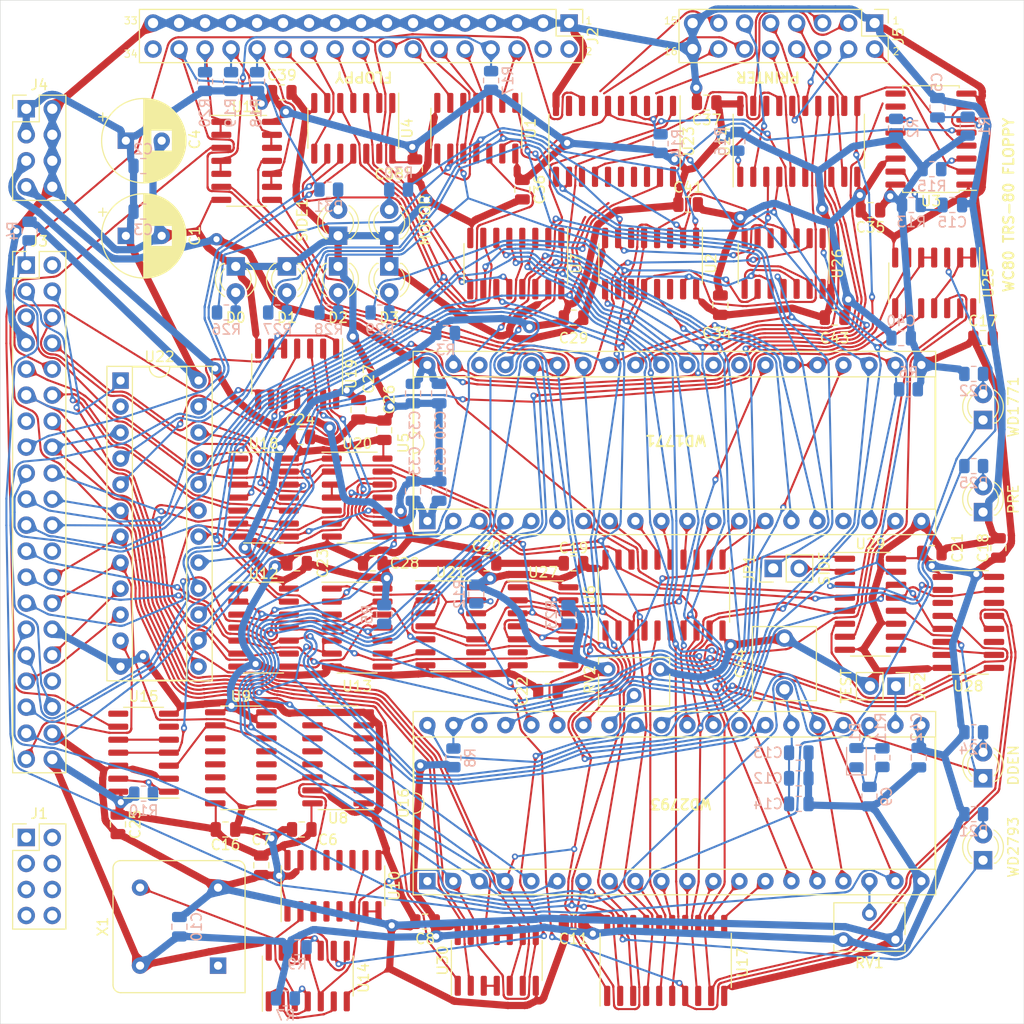
<source format=kicad_pcb>
(kicad_pcb (version 20171130) (host pcbnew "(5.1.9)-1")
  (layers (0 F.Cu signal) (31 B.Cu signal) (34 B.Paste user hide) (35 F.Paste user hide) (36 B.SilkS user) (37 F.SilkS user) (38 B.Mask user) (39 F.Mask user) (44 Edge.Cuts user))
  (net 0 "")
  (net 1 +5V)
  (net 2 GND)
  (net 3 F_D2)
  (net 4 F_D0)
  (net 5 F_A1)
  (net 6 F_D5)
  (net 7 F_A0)
  (net 8 F_D3)
  (net 9 F_D6)
  (net 10 F_D1)
  (net 11 F_D7)
  (net 12 F_D4)
  (net 13 ~F_INT~)
  (net 14 ~F_INUSE~)
  (net 15 ~F_EXMEM~)
  (net 16 ~F_SYSRES~)
  (net 17 "Net-(J5-Pad14)")
  (net 18 "Net-(J5-Pad12)")
  (net 19 "Net-(J5-Pad10)")
  (net 20 "Net-(J5-Pad6)")
  (net 21 -5V)
  (net 22 +12V)
  (net 23 "Net-(R3-Pad2)")
  (net 24 "Net-(U10-Pad10)")
  (net 25 "Net-(R6-Pad2)")
  (net 26 F_A2)
  (net 27 F_A6)
  (net 28 F_A5)
  (net 29 F_A7)
  (net 30 F_A3)
  (net 31 F_A4)
  (net 32 ~F_IN~)
  (net 33 F_A9)
  (net 34 ~F_READ~)
  (net 35 ~F_WRITE~)
  (net 36 F_A8)
  (net 37 ~F_OUT~)
  (net 38 F_A11)
  (net 39 F_A14)
  (net 40 F_A15)
  (net 41 F_A12)
  (net 42 F_A13)
  (net 43 F_A10)
  (net 44 "Net-(J5-Pad8)")
  (net 45 "Net-(J5-Pad4)")
  (net 46 "Net-(J5-Pad2)")
  (net 47 "Net-(R8-Pad2)")
  (net 48 "Net-(U4-Pad1)")
  (net 49 "Net-(U5-Pad11)")
  (net 50 "Net-(U5-Pad10)")
  (net 51 "Net-(U5-Pad9)")
  (net 52 "Net-(U5-Pad8)")
  (net 53 "Net-(U5-Pad7)")
  (net 54 "Net-(U5-Pad16)")
  (net 55 "Net-(U5-Pad15)")
  (net 56 "Net-(U5-Pad14)")
  (net 57 "Net-(U10-Pad14)")
  (net 58 "Net-(U11-Pad8)")
  (net 59 "Net-(U11-Pad6)")
  (net 60 "Net-(R9-Pad2)")
  (net 61 "Net-(R10-Pad2)")
  (net 62 "Net-(U13-Pad4)")
  (net 63 4MHz)
  (net 64 "Net-(U14-Pad12)")
  (net 65 2MHz)
  (net 66 1MHz)
  (net 67 "Net-(U14-Pad2)")
  (net 68 "Net-(U15-Pad10)")
  (net 69 "Net-(U16-Pad13)")
  (net 70 "Net-(U16-Pad12)")
  (net 71 "Net-(U16-Pad11)")
  (net 72 40Hz)
  (net 73 ~37E0~)
  (net 74 INTCLK)
  (net 75 "Net-(D1-Pad2)")
  (net 76 "Net-(JP2-Pad1)")
  (net 77 "Net-(R14-Pad2)")
  (net 78 "Net-(RV1-Pad2)")
  (net 79 "Net-(RV2-Pad2)")
  (net 80 "Net-(C5-Pad1)")
  (net 81 INTFLOP)
  (net 82 "Net-(U18-Pad11)")
  (net 83 "Net-(U18-Pad8)")
  (net 84 "Net-(U18-Pad6)")
  (net 85 "Net-(U18-Pad4)")
  (net 86 "Net-(U18-Pad3)")
  (net 87 "Net-(U19-Pad10)")
  (net 88 ~2793~)
  (net 89 "Net-(R16-Pad2)")
  (net 90 ~1771~)
  (net 91 ~PRINTREAD~)
  (net 92 ~PRINTWRITE~)
  (net 93 37XX)
  (net 94 "Net-(C9-Pad2)")
  (net 95 "Net-(C12-Pad2)")
  (net 96 "Net-(C15-Pad1)")
  (net 97 "Net-(J2-Pad30)")
  (net 98 "Net-(J2-Pad28)")
  (net 99 "Net-(J2-Pad26)")
  (net 100 "Net-(J2-Pad24)")
  (net 101 "Net-(J2-Pad22)")
  (net 102 "Net-(J2-Pad20)")
  (net 103 "Net-(J2-Pad18)")
  (net 104 "Net-(J2-Pad16)")
  (net 105 "Net-(J2-Pad14)")
  (net 106 "Net-(J2-Pad12)")
  (net 107 "Net-(J2-Pad10)")
  (net 108 "Net-(J2-Pad8)")
  (net 109 "Net-(J2-Pad6)")
  (net 110 "Net-(J5-Pad13)")
  (net 111 "Net-(J5-Pad11)")
  (net 112 "Net-(J5-Pad9)")
  (net 113 "Net-(J5-Pad7)")
  (net 114 "Net-(J5-Pad5)")
  (net 115 "Net-(J5-Pad3)")
  (net 116 "Net-(R2-Pad2)")
  (net 117 "Net-(R7-Pad2)")
  (net 118 "Net-(R15-Pad2)")
  (net 119 "Net-(U22-Pad23)")
  (net 120 "Net-(U4-Pad9)")
  (net 121 "Net-(U4-Pad5)")
  (net 122 "Net-(U4-Pad3)")
  (net 123 "Net-(U11-Pad11)")
  (net 124 "Net-(U5-Pad13)")
  (net 125 "Net-(U16-Pad32)")
  (net 126 "Net-(U5-Pad12)")
  (net 127 "Net-(U5-Pad31)")
  (net 128 "Net-(U5-Pad30)")
  (net 129 "Net-(U13-Pad1)")
  (net 130 "Net-(U16-Pad15)")
  (net 131 "Net-(U16-Pad16)")
  (net 132 "Net-(U16-Pad30)")
  (net 133 "Net-(U16-Pad31)")
  (net 134 "Net-(U8-Pad14)")
  (net 135 "Net-(U8-Pad10)")
  (net 136 "Net-(U16-Pad17)")
  (net 137 "Net-(U16-Pad14)")
  (net 138 "Net-(U16-Pad10)")
  (net 139 "Net-(U16-Pad9)")
  (net 140 "Net-(U16-Pad8)")
  (net 141 "Net-(U16-Pad7)")
  (net 142 "Net-(U19-Pad3)")
  (net 143 "Net-(U19-Pad2)")
  (net 144 "Net-(U20-Pad3)")
  (net 145 "Net-(R12-Pad2)")
  (net 146 "Net-(U12-Pad11)")
  (net 147 "Net-(U12-Pad8)")
  (net 148 "Net-(U12-Pad6)")
  (net 149 "Net-(U12-Pad4)")
  (net 150 "Net-(U13-Pad9)")
  (net 151 "Net-(U13-Pad8)")
  (net 152 ~DENSEL~)
  (net 153 "Net-(U13-Pad2)")
  (net 154 EFX)
  (net 155 "Net-(U21-Pad11)")
  (net 156 "Net-(U25-Pad4)")
  (net 157 "Net-(U25-Pad1)")
  (net 158 58SEL)
  (net 159 "Net-(U26-Pad13)")
  (net 160 "Net-(U26-Pad12)")
  (net 161 "Net-(U27-Pad5)")
  (net 162 "Net-(U28-Pad15)")
  (net 163 "Net-(U28-Pad10)")
  (net 164 "Net-(U28-Pad7)")
  (net 165 "Net-(U28-Pad2)")
  (net 166 FSIDE)
  (net 167 M1SIDE)
  (net 168 ~CDDEN~)
  (net 169 M1PRE)
  (net 170 CENP)
  (net 171 ~MDDEN~)
  (net 172 OPT)
  (net 173 "Net-(U25-Pad12)")
  (net 174 DFH)
  (net 175 DFL)
  (net 176 "Net-(U16-Pad4)")
  (net 177 "Net-(U16-Pad2)")
  (net 178 "Net-(U11-Pad3)")
  (net 179 FLOP)
  (net 180 "Net-(U30-Pad10)")
  (net 181 "Net-(U30-Pad3)")
  (net 182 "Net-(D2-Pad2)")
  (net 183 "Net-(D3-Pad2)")
  (net 184 "Net-(D4-Pad2)")
  (net 185 "Net-(D5-Pad2)")
  (net 186 "Net-(D6-Pad2)")
  (net 187 "Net-(D7-Pad2)")
  (net 188 "Net-(D8-Pad2)")
  (net 189 "Net-(D9-Pad2)")
  (net 190 "Net-(D10-Pad2)")
  (net 191 "Net-(D11-Pad2)")
  (net 192 D0)
  (net 193 D1)
  (net 194 D2)
  (net 195 D3)
  (net 196 MOTOR)
  (net 197 "Net-(R23-Pad2)")
  (net 198 ~F_MEMRQ~)
  (net 199 "Net-(J1-Pad8)")
  (net 200 "Net-(J1-Pad7)")
  (net 201 "Net-(J1-Pad6)")
  (net 202 "Net-(J1-Pad5)")
  (net 203 "Net-(J1-Pad4)")
  (net 204 "Net-(J1-Pad3)")
  (net 205 "Net-(J1-Pad2)")
  (net 206 "Net-(J1-Pad1)")
  (net 207 "Net-(J2-Pad34)")
  (net 208 "Net-(J2-Pad4)")
  (net 209 "Net-(J2-Pad2)")
  (net 210 "Net-(J3-Pad34)")
  (net 211 "Net-(J3-Pad24)")
  (net 212 "Net-(J3-Pad13)")
  (net 213 "Net-(U2-Pad14)")
  (net 214 "Net-(U2-Pad11)")
  (net 215 "Net-(U2-Pad6)")
  (net 216 "Net-(U2-Pad3)")
  (net 217 "Net-(U3-Pad13)")
  (net 218 "Net-(U3-Pad12)")
  (net 219 "Net-(U5-Pad38)")
  (net 220 "Net-(U5-Pad17)")
  (net 221 "Net-(U16-Pad36)")
  (net 222 "Net-(U16-Pad35)")
  (net 223 "Net-(U16-Pad34)")
  (net 224 "Net-(U5-Pad29)")
  (net 225 "Net-(U5-Pad28)")
  (net 226 "Net-(U8-Pad13)")
  (net 227 "Net-(U8-Pad12)")
  (net 228 "Net-(U8-Pad11)")
  (net 229 "Net-(U8-Pad5)")
  (net 230 "Net-(U8-Pad4)")
  (net 231 "Net-(U8-Pad3)")
  (net 232 "Net-(U9-Pad14)")
  (net 233 "Net-(U9-Pad13)")
  (net 234 "Net-(U9-Pad12)")
  (net 235 "Net-(U9-Pad11)")
  (net 236 "Net-(U9-Pad5)")
  (net 237 "Net-(U9-Pad4)")
  (net 238 "Net-(U9-Pad3)")
  (net 239 "Net-(U10-Pad13)")
  (net 240 "Net-(U10-Pad12)")
  (net 241 "Net-(U10-Pad11)")
  (net 242 "Net-(U10-Pad5)")
  (net 243 "Net-(U10-Pad4)")
  (net 244 "Net-(U10-Pad3)")
  (net 245 "Net-(U11-Pad13)")
  (net 246 "Net-(U11-Pad12)")
  (net 247 "Net-(U11-Pad10)")
  (net 248 "Net-(U11-Pad9)")
  (net 249 "Net-(U11-Pad5)")
  (net 250 "Net-(U11-Pad4)")
  (net 251 "Net-(U11-Pad2)")
  (net 252 "Net-(U11-Pad1)")
  (net 253 "Net-(U13-Pad5)")
  (net 254 "Net-(U15-Pad8)")
  (net 255 "Net-(U15-Pad6)")
  (net 256 "Net-(U16-Pad38)")
  (net 257 "Net-(U16-Pad28)")
  (net 258 "Net-(U21-Pad8)")
  (net 259 "Net-(U23-Pad18)")
  (net 260 "Net-(U23-Pad16)")
  (net 261 "Net-(U27-Pad8)")
  (net 262 "Net-(U27-Pad6)")
  (net 263 "Net-(U28-Pad16)")
  (net 264 "Net-(U28-Pad14)")
  (net 265 "Net-(U28-Pad11)")
  (net 266 "Net-(U28-Pad6)")
  (net 267 "Net-(U28-Pad3)")
  (net 268 "Net-(U29-Pad9)")
  (net 269 "Net-(X1-Pad1)")
  (module Package_SO:SOIC-14_3.9x8.7mm_P1.27mm (layer F.Cu) (at 44.069 35.687)
    (fp_text reference U11 (at 0 -5.28) (layer F.SilkS))
    (fp_text value 74LS08)
    (pad 14 smd roundrect (at 2.475 -3.81) (size 1.95 0.6) (layers F.Cu F.Paste F.Mask) (net 1 +5V))
    (pad 13 smd roundrect (at 2.475 -2.54) (size 1.95 0.6) (layers F.Cu F.Paste F.Mask) (net 245 "Net-(U11-Pad13)"))
    (pad 12 smd roundrect (at 2.475 -1.27) (size 1.95 0.6) (layers F.Cu F.Paste F.Mask) (net 246 "Net-(U11-Pad12)"))
    (pad 11 smd roundrect (at 2.475 0) (size 1.95 0.6) (layers F.Cu F.Paste F.Mask) (net 123 "Net-(U11-Pad11)"))
    (pad 10 smd roundrect (at 2.475 1.27) (size 1.95 0.6) (layers F.Cu F.Paste F.Mask) (net 247 "Net-(U11-Pad10)"))
    (pad 9 smd roundrect (at 2.475 2.54) (size 1.95 0.6) (layers F.Cu F.Paste F.Mask) (net 248 "Net-(U11-Pad9)"))
    (pad 8 smd roundrect (at 2.475 3.81) (size 1.95 0.6) (layers F.Cu F.Paste F.Mask) (net 58 "Net-(U11-Pad8)"))
    (pad 7 smd roundrect (at -2.475 3.81) (size 1.95 0.6) (layers F.Cu F.Paste F.Mask) (net 2 GND))
    (pad 6 smd roundrect (at -2.475 2.54) (size 1.95 0.6) (layers F.Cu F.Paste F.Mask) (net 59 "Net-(U11-Pad6)"))
    (pad 5 smd roundrect (at -2.475 1.27) (size 1.95 0.6) (layers F.Cu F.Paste F.Mask) (net 249 "Net-(U11-Pad5)"))
    (pad 4 smd roundrect (at -2.475 0) (size 1.95 0.6) (layers F.Cu F.Paste F.Mask) (net 250 "Net-(U11-Pad4)"))
    (pad 3 smd roundrect (at -2.475 -1.27) (size 1.95 0.6) (layers F.Cu F.Paste F.Mask) (net 178 "Net-(U11-Pad3)"))
    (pad 2 smd roundrect (at -2.475 -2.54) (size 1.95 0.6) (layers F.Cu F.Paste F.Mask) (net 251 "Net-(U11-Pad2)"))
    (pad 1 smd roundrect (at -2.475 -3.81) (size 1.95 0.6) (layers F.Cu F.Paste F.Mask) (net 252 "Net-(U11-Pad1)"))
  )
  (module Package_SO:SO-20_5.3x12.6mm_P1.27mm (layer F.Cu) (at 80 33.782 270)
    (fp_text reference U23 (at 0 -7.25 90) (layer F.SilkS))
    (fp_text value 74LS244)
    (pad 20 smd roundrect (at 3.4625 -5.715 270) (size 1.975 0.6) (layers F.Cu F.Paste F.Mask) (net 1 +5V))
    (pad 19 smd roundrect (at 3.4625 -4.445 270) (size 1.975 0.6) (layers F.Cu F.Paste F.Mask) (net 91 ~PRINTREAD~))
    (pad 18 smd roundrect (at 3.4625 -3.175 270) (size 1.975 0.6) (layers F.Cu F.Paste F.Mask) (net 259 "Net-(U23-Pad18)"))
    (pad 17 smd roundrect (at 3.4625 -1.905 270) (size 1.975 0.6) (layers F.Cu F.Paste F.Mask) (net 114 "Net-(J5-Pad5)"))
    (pad 16 smd roundrect (at 3.4625 -0.635 270) (size 1.975 0.6) (layers F.Cu F.Paste F.Mask) (net 260 "Net-(U23-Pad16)"))
    (pad 15 smd roundrect (at 3.4625 0.635 270) (size 1.975 0.6) (layers F.Cu F.Paste F.Mask) (net 17 "Net-(J5-Pad14)"))
    (pad 14 smd roundrect (at 3.4625 1.905 270) (size 1.975 0.6) (layers F.Cu F.Paste F.Mask) (net 9 F_D6))
    (pad 13 smd roundrect (at 3.4625 3.175 270) (size 1.975 0.6) (layers F.Cu F.Paste F.Mask) (net 110 "Net-(J5-Pad13)"))
    (pad 12 smd roundrect (at 3.4625 4.445 270) (size 1.975 0.6) (layers F.Cu F.Paste F.Mask) (net 11 F_D7))
    (pad 11 smd roundrect (at 3.4625 5.715 270) (size 1.975 0.6) (layers F.Cu F.Paste F.Mask) (net 18 "Net-(J5-Pad12)"))
    (pad 10 smd roundrect (at -3.4625 5.715 270) (size 1.975 0.6) (layers F.Cu F.Paste F.Mask) (net 2 GND))
    (pad 9 smd roundrect (at -3.4625 4.445 270) (size 1.975 0.6) (layers F.Cu F.Paste F.Mask) (net 11 F_D7))
    (pad 8 smd roundrect (at -3.4625 3.175 270) (size 1.975 0.6) (layers F.Cu F.Paste F.Mask) (net 74 INTCLK))
    (pad 7 smd roundrect (at -3.4625 1.905 270) (size 1.975 0.6) (layers F.Cu F.Paste F.Mask) (net 9 F_D6))
    (pad 6 smd roundrect (at -3.4625 0.635 270) (size 1.975 0.6) (layers F.Cu F.Paste F.Mask) (net 81 INTFLOP))
    (pad 5 smd roundrect (at -3.4625 -0.635 270) (size 1.975 0.6) (layers F.Cu F.Paste F.Mask) (net 6 F_D5))
    (pad 4 smd roundrect (at -3.4625 -1.905 270) (size 1.975 0.6) (layers F.Cu F.Paste F.Mask) (net 77 "Net-(R14-Pad2)"))
    (pad 3 smd roundrect (at -3.4625 -3.175 270) (size 1.975 0.6) (layers F.Cu F.Paste F.Mask) (net 12 F_D4))
    (pad 2 smd roundrect (at -3.4625 -4.445 270) (size 1.975 0.6) (layers F.Cu F.Paste F.Mask) (net 77 "Net-(R14-Pad2)"))
    (pad 1 smd roundrect (at -3.4625 -5.715 270) (size 1.975 0.6) (layers F.Cu F.Paste F.Mask) (net 73 ~37E0~))
  )
  (module Package_SO:SO-16_5.3x10.2mm_P1.27mm (layer F.Cu) (at 110.914 33.562 180)
    (fp_text reference U3 (at 0 -6.05) (layer F.SilkS))
    (fp_text value 74LS123)
    (pad 16 smd roundrect (at 3.4625 -4.445 180) (size 1.975 0.6) (layers F.Cu F.Paste F.Mask) (net 1 +5V))
    (pad 15 smd roundrect (at 3.4625 -3.175 180) (size 1.975 0.6) (layers F.Cu F.Paste F.Mask) (net 96 "Net-(C15-Pad1)"))
    (pad 14 smd roundrect (at 3.4625 -1.905 180) (size 1.975 0.6) (layers F.Cu F.Paste F.Mask) (net 2 GND))
    (pad 13 smd roundrect (at 3.4625 -0.635 180) (size 1.975 0.6) (layers F.Cu F.Paste F.Mask) (net 217 "Net-(U3-Pad13)"))
    (pad 12 smd roundrect (at 3.4625 0.635 180) (size 1.975 0.6) (layers F.Cu F.Paste F.Mask) (net 218 "Net-(U3-Pad12)"))
    (pad 11 smd roundrect (at 3.4625 1.905 180) (size 1.975 0.6) (layers F.Cu F.Paste F.Mask) (net 116 "Net-(R2-Pad2)"))
    (pad 10 smd roundrect (at 3.4625 3.175 180) (size 1.975 0.6) (layers F.Cu F.Paste F.Mask) (net 116 "Net-(R2-Pad2)"))
    (pad 9 smd roundrect (at 3.4625 4.445 180) (size 1.975 0.6) (layers F.Cu F.Paste F.Mask) (net 175 DFL))
    (pad 8 smd roundrect (at -3.4625 4.445 180) (size 1.975 0.6) (layers F.Cu F.Paste F.Mask) (net 2 GND))
    (pad 7 smd roundrect (at -3.4625 3.175 180) (size 1.975 0.6) (layers F.Cu F.Paste F.Mask) (net 80 "Net-(C5-Pad1)"))
    (pad 6 smd roundrect (at -3.4625 1.905 180) (size 1.975 0.6) (layers F.Cu F.Paste F.Mask) (net 2 GND))
    (pad 5 smd roundrect (at -3.4625 0.635 180) (size 1.975 0.6) (layers F.Cu F.Paste F.Mask) (net 196 MOTOR))
    (pad 4 smd roundrect (at -3.4625 -0.635 180) (size 1.975 0.6) (layers F.Cu F.Paste F.Mask) (net 46 "Net-(J5-Pad2)"))
    (pad 3 smd roundrect (at -3.4625 -1.905 180) (size 1.975 0.6) (layers F.Cu F.Paste F.Mask) (net 118 "Net-(R15-Pad2)"))
    (pad 2 smd roundrect (at -3.4625 -3.175 180) (size 1.975 0.6) (layers F.Cu F.Paste F.Mask) (net 92 ~PRINTWRITE~))
    (pad 1 smd roundrect (at -3.4625 -4.445 180) (size 1.975 0.6) (layers F.Cu F.Paste F.Mask) (net 2 GND))
  )
  (module Capacitor_THT:C_Rect_L7.0mm_W6.0mm_P5.00mm (layer F.Cu) (at 96.6 87.3 90)
    (fp_text reference C44 (at 2.5 -4.25 90) (layer F.SilkS))
    (fp_text value 60pF)
    (pad 2 thru_hole circle (at 5 0 90) (size 1.7 1.7) (drill 1) (layers *.Cu *.Mask) (net 2 GND))
    (pad 1 thru_hole circle (at 0 0 90) (size 1.7 1.7) (drill 1) (layers *.Cu *.Mask) (net 95 "Net-(C12-Pad2)"))
  )
  (module Capacitor_SMD:C_0805_2012Metric (layer F.Cu) (at 101.5 51)
    (fp_text reference C43 (at 0 2) (layer F.SilkS))
    (fp_text value 100n)
    (pad 2 smd roundrect (at 0.95 0) (size 1 1.45) (layers F.Cu F.Paste F.Mask) (net 2 GND))
    (pad 1 smd roundrect (at -0.95 0) (size 1 1.45) (layers F.Cu F.Paste F.Mask) (net 1 +5V))
  )
  (module Capacitor_SMD:C_0805_2012Metric (layer B.Cu) (at 109.728 93.98 270)
    (fp_text reference C42 (at -2.98 0.228 90) (layer B.SilkS) (effects (justify mirror)))
    (fp_text value 100n)
    (pad 2 smd roundrect (at 0.95 0 270) (size 1 1.45) (layers B.Cu B.Paste B.Mask) (net 2 GND))
    (pad 1 smd roundrect (at -0.95 0 270) (size 1 1.45) (layers B.Cu B.Paste B.Mask) (net 1 +5V))
  )
  (module Capacitor_SMD:C_0805_2012Metric (layer F.Cu) (at 87.1899 39.9524)
    (fp_text reference C41 (at 0 -1.68) (layer F.SilkS))
    (fp_text value 100n)
    (pad 2 smd roundrect (at 0.95 0) (size 1 1.45) (layers F.Cu F.Paste F.Mask) (net 2 GND))
    (pad 1 smd roundrect (at -0.95 0) (size 1 1.45) (layers F.Cu F.Paste F.Mask) (net 1 +5V))
  )
  (module Capacitor_SMD:C_0805_2012Metric (layer B.Cu) (at 108 53 180)
    (fp_text reference C40 (at 0 1.68) (layer B.SilkS) (effects (justify mirror)))
    (fp_text value 100n)
    (pad 2 smd roundrect (at 0.95 0 180) (size 1 1.45) (layers B.Cu B.Paste B.Mask) (net 2 GND))
    (pad 1 smd roundrect (at -0.95 0 180) (size 1 1.45) (layers B.Cu B.Paste B.Mask) (net 1 +5V))
  )
  (module Capacitor_SMD:C_0805_2012Metric (layer F.Cu) (at 47.5 29)
    (fp_text reference C39 (at 0 -1.68) (layer F.SilkS))
    (fp_text value 100n)
    (pad 2 smd roundrect (at 0.95 0) (size 1 1.45) (layers F.Cu F.Paste F.Mask) (net 2 GND))
    (pad 1 smd roundrect (at -0.95 0) (size 1 1.45) (layers F.Cu F.Paste F.Mask) (net 1 +5V))
  )
  (module Capacitor_SMD:C_0805_2012Metric (layer F.Cu) (at 60.5 36.5 270)
    (fp_text reference C38 (at 0.5 2.5) (layer F.SilkS))
    (fp_text value 100n)
    (pad 2 smd roundrect (at 0.95 0 270) (size 1 1.45) (layers F.Cu F.Paste F.Mask) (net 2 GND))
    (pad 1 smd roundrect (at -0.95 0 270) (size 1 1.45) (layers F.Cu F.Paste F.Mask) (net 1 +5V))
  )
  (module Capacitor_SMD:C_0805_2012Metric (layer F.Cu) (at 89 30 180)
    (fp_text reference C37 (at 0 -1.68) (layer F.SilkS))
    (fp_text value 100n)
    (pad 2 smd roundrect (at 0.95 0 180) (size 1 1.45) (layers F.Cu F.Paste F.Mask) (net 2 GND))
    (pad 1 smd roundrect (at -0.95 0 180) (size 1 1.45) (layers F.Cu F.Paste F.Mask) (net 1 +5V))
  )
  (module Capacitor_SMD:C_0805_2012Metric (layer F.Cu) (at 71 38.5 270)
    (fp_text reference C36 (at 0 -1.68 270) (layer F.SilkS))
    (fp_text value 100n)
    (pad 2 smd roundrect (at 0.95 0 270) (size 1 1.45) (layers F.Cu F.Paste F.Mask) (net 2 GND))
    (pad 1 smd roundrect (at -0.95 0 270) (size 1 1.45) (layers F.Cu F.Paste F.Mask) (net 1 +5V))
  )
  (module Capacitor_SMD:C_0805_2012Metric (layer F.Cu) (at 105 40.5 180)
    (fp_text reference C35 (at 0 -1.68 180) (layer F.SilkS))
    (fp_text value 100n)
    (pad 2 smd roundrect (at 0.95 0 180) (size 1 1.45) (layers F.Cu F.Paste F.Mask) (net 2 GND))
    (pad 1 smd roundrect (at -0.95 0 180) (size 1 1.45) (layers F.Cu F.Paste F.Mask) (net 1 +5V))
  )
  (module Capacitor_SMD:C_0805_2012Metric (layer F.Cu) (at 90.3434 49.7799 90)
    (fp_text reference C34 (at -2.7201 -0.3434 180) (layer F.SilkS))
    (fp_text value 100n)
    (pad 2 smd roundrect (at 0.95 0 90) (size 1 1.45) (layers F.Cu F.Paste F.Mask) (net 2 GND))
    (pad 1 smd roundrect (at -0.95 0 90) (size 1 1.45) (layers F.Cu F.Paste F.Mask) (net 1 +5V))
  )
  (module Package_SO:SOIC-14_3.9x8.7mm_P1.27mm (layer F.Cu) (at 68.5 113.792 90)
    (fp_text reference U30 (at 0 -5.28 90) (layer F.SilkS))
    (fp_text value 74LS00)
    (pad 14 smd roundrect (at 2.475 -3.81 90) (size 1.95 0.6) (layers F.Cu F.Paste F.Mask) (net 1 +5V))
    (pad 13 smd roundrect (at 2.475 -2.54 90) (size 1.95 0.6) (layers F.Cu F.Paste F.Mask) (net 35 ~F_WRITE~))
    (pad 12 smd roundrect (at 2.475 -1.27 90) (size 1.95 0.6) (layers F.Cu F.Paste F.Mask) (net 37 ~F_OUT~))
    (pad 11 smd roundrect (at 2.475 0 90) (size 1.95 0.6) (layers F.Cu F.Paste F.Mask) (net 180 "Net-(U30-Pad10)"))
    (pad 10 smd roundrect (at 2.475 1.27 90) (size 1.95 0.6) (layers F.Cu F.Paste F.Mask) (net 180 "Net-(U30-Pad10)"))
    (pad 9 smd roundrect (at 2.475 2.54 90) (size 1.95 0.6) (layers F.Cu F.Paste F.Mask) (net 179 FLOP))
    (pad 8 smd roundrect (at 2.475 3.81 90) (size 1.95 0.6) (layers F.Cu F.Paste F.Mask) (net 177 "Net-(U16-Pad2)"))
    (pad 7 smd roundrect (at -2.475 3.81 90) (size 1.95 0.6) (layers F.Cu F.Paste F.Mask) (net 2 GND))
    (pad 6 smd roundrect (at -2.475 2.54 90) (size 1.95 0.6) (layers F.Cu F.Paste F.Mask) (net 176 "Net-(U16-Pad4)"))
    (pad 5 smd roundrect (at -2.475 1.27 90) (size 1.95 0.6) (layers F.Cu F.Paste F.Mask) (net 179 FLOP))
    (pad 4 smd roundrect (at -2.475 0 90) (size 1.95 0.6) (layers F.Cu F.Paste F.Mask) (net 181 "Net-(U30-Pad3)"))
    (pad 3 smd roundrect (at -2.475 -1.27 90) (size 1.95 0.6) (layers F.Cu F.Paste F.Mask) (net 181 "Net-(U30-Pad3)"))
    (pad 2 smd roundrect (at -2.475 -2.54 90) (size 1.95 0.6) (layers F.Cu F.Paste F.Mask) (net 34 ~F_READ~))
    (pad 1 smd roundrect (at -2.475 -3.81 90) (size 1.95 0.6) (layers F.Cu F.Paste F.Mask) (net 32 ~F_IN~))
  )
  (module Package_SO:SOIC-14_3.9x8.7mm_P1.27mm (layer F.Cu) (at 96.52 45.72 270)
    (fp_text reference U26 (at 0 -5.28 90) (layer F.SilkS))
    (fp_text value 74LS32)
    (pad 14 smd roundrect (at 2.475 -3.81 270) (size 1.95 0.6) (layers F.Cu F.Paste F.Mask) (net 1 +5V))
    (pad 13 smd roundrect (at 2.475 -2.54 270) (size 1.95 0.6) (layers F.Cu F.Paste F.Mask) (net 159 "Net-(U26-Pad13)"))
    (pad 12 smd roundrect (at 2.475 -1.27 270) (size 1.95 0.6) (layers F.Cu F.Paste F.Mask) (net 160 "Net-(U26-Pad12)"))
    (pad 11 smd roundrect (at 2.475 0 270) (size 1.95 0.6) (layers F.Cu F.Paste F.Mask) (net 125 "Net-(U16-Pad32)"))
    (pad 10 smd roundrect (at 2.475 1.27 270) (size 1.95 0.6) (layers F.Cu F.Paste F.Mask) (net 195 D3))
    (pad 9 smd roundrect (at 2.475 2.54 270) (size 1.95 0.6) (layers F.Cu F.Paste F.Mask) (net 194 D2))
    (pad 8 smd roundrect (at 2.475 3.81 270) (size 1.95 0.6) (layers F.Cu F.Paste F.Mask) (net 160 "Net-(U26-Pad12)"))
    (pad 7 smd roundrect (at -2.475 3.81 270) (size 1.95 0.6) (layers F.Cu F.Paste F.Mask) (net 2 GND))
    (pad 6 smd roundrect (at -2.475 2.54 270) (size 1.95 0.6) (layers F.Cu F.Paste F.Mask) (net 159 "Net-(U26-Pad13)"))
    (pad 5 smd roundrect (at -2.475 1.27 270) (size 1.95 0.6) (layers F.Cu F.Paste F.Mask) (net 193 D1))
    (pad 4 smd roundrect (at -2.475 0 270) (size 1.95 0.6) (layers F.Cu F.Paste F.Mask) (net 192 D0))
    (pad 3 smd roundrect (at -2.475 -1.27 270) (size 1.95 0.6) (layers F.Cu F.Paste F.Mask) (net 253 "Net-(U13-Pad5)"))
    (pad 2 smd roundrect (at -2.475 -2.54 270) (size 1.95 0.6) (layers F.Cu F.Paste F.Mask) (net 97 "Net-(J2-Pad30)"))
    (pad 1 smd roundrect (at -2.475 -3.81 270) (size 1.95 0.6) (layers F.Cu F.Paste F.Mask) (net 97 "Net-(J2-Pad30)"))
  )
  (module Package_SO:SOIC-14_3.9x8.7mm_P1.27mm (layer F.Cu) (at 111.228 47.608 270)
    (fp_text reference U25 (at 0 -5.28 90) (layer F.SilkS))
    (fp_text value 74LS00)
    (pad 14 smd roundrect (at 2.475 -3.81 270) (size 1.95 0.6) (layers F.Cu F.Paste F.Mask) (net 1 +5V))
    (pad 13 smd roundrect (at 2.475 -2.54 270) (size 1.95 0.6) (layers F.Cu F.Paste F.Mask) (net 169 M1PRE))
    (pad 12 smd roundrect (at 2.475 -1.27 270) (size 1.95 0.6) (layers F.Cu F.Paste F.Mask) (net 173 "Net-(U25-Pad12)"))
    (pad 11 smd roundrect (at 2.475 0 270) (size 1.95 0.6) (layers F.Cu F.Paste F.Mask) (net 157 "Net-(U25-Pad1)"))
    (pad 10 smd roundrect (at 2.475 1.27 270) (size 1.95 0.6) (layers F.Cu F.Paste F.Mask) (net 11 F_D7))
    (pad 9 smd roundrect (at 2.475 2.54 270) (size 1.95 0.6) (layers F.Cu F.Paste F.Mask) (net 158 58SEL))
    (pad 8 smd roundrect (at 2.475 3.81 270) (size 1.95 0.6) (layers F.Cu F.Paste F.Mask) (net 156 "Net-(U25-Pad4)"))
    (pad 7 smd roundrect (at -2.475 3.81 270) (size 1.95 0.6) (layers F.Cu F.Paste F.Mask) (net 2 GND))
    (pad 6 smd roundrect (at -2.475 2.54 270) (size 1.95 0.6) (layers F.Cu F.Paste F.Mask) (net 155 "Net-(U21-Pad11)"))
    (pad 5 smd roundrect (at -2.475 1.27 270) (size 1.95 0.6) (layers F.Cu F.Paste F.Mask) (net 156 "Net-(U25-Pad4)"))
    (pad 4 smd roundrect (at -2.475 0 270) (size 1.95 0.6) (layers F.Cu F.Paste F.Mask) (net 156 "Net-(U25-Pad4)"))
    (pad 3 smd roundrect (at -2.475 -1.27 270) (size 1.95 0.6) (layers F.Cu F.Paste F.Mask) (net 170 CENP))
    (pad 2 smd roundrect (at -2.475 -2.54 270) (size 1.95 0.6) (layers F.Cu F.Paste F.Mask) (net 157 "Net-(U25-Pad1)"))
    (pad 1 smd roundrect (at -2.475 -3.81 270) (size 1.95 0.6) (layers F.Cu F.Paste F.Mask) (net 157 "Net-(U25-Pad1)"))
  )
  (module Package_SO:SOIC-14_3.9x8.7mm_P1.27mm (layer F.Cu) (at 54.864 68.58)
    (fp_text reference U20 (at 0 -5.28) (layer F.SilkS))
    (fp_text value 74LS32)
    (pad 14 smd roundrect (at 2.475 -3.81) (size 1.95 0.6) (layers F.Cu F.Paste F.Mask) (net 1 +5V))
    (pad 13 smd roundrect (at 2.475 -2.54) (size 1.95 0.6) (layers F.Cu F.Paste F.Mask) (net 3 F_D2))
    (pad 12 smd roundrect (at 2.475 -1.27) (size 1.95 0.6) (layers F.Cu F.Paste F.Mask) (net 148 "Net-(U12-Pad6)"))
    (pad 11 smd roundrect (at 2.475 0) (size 1.95 0.6) (layers F.Cu F.Paste F.Mask) (net 153 "Net-(U13-Pad2)"))
    (pad 10 smd roundrect (at 2.475 1.27) (size 1.95 0.6) (layers F.Cu F.Paste F.Mask) (net 83 "Net-(U18-Pad8)"))
    (pad 9 smd roundrect (at 2.475 2.54) (size 1.95 0.6) (layers F.Cu F.Paste F.Mask) (net 84 "Net-(U18-Pad6)"))
    (pad 8 smd roundrect (at 2.475 3.81) (size 1.95 0.6) (layers F.Cu F.Paste F.Mask) (net 142 "Net-(U19-Pad3)"))
    (pad 7 smd roundrect (at -2.475 3.81) (size 1.95 0.6) (layers F.Cu F.Paste F.Mask) (net 2 GND))
    (pad 6 smd roundrect (at -2.475 2.54) (size 1.95 0.6) (layers F.Cu F.Paste F.Mask) (net 143 "Net-(U19-Pad2)"))
    (pad 5 smd roundrect (at -2.475 1.27) (size 1.95 0.6) (layers F.Cu F.Paste F.Mask) (net 86 "Net-(U18-Pad3)"))
    (pad 4 smd roundrect (at -2.475 0) (size 1.95 0.6) (layers F.Cu F.Paste F.Mask) (net 144 "Net-(U20-Pad3)"))
    (pad 3 smd roundrect (at -2.475 -1.27) (size 1.95 0.6) (layers F.Cu F.Paste F.Mask) (net 144 "Net-(U20-Pad3)"))
    (pad 2 smd roundrect (at -2.475 -2.54) (size 1.95 0.6) (layers F.Cu F.Paste F.Mask) (net 39 F_A14))
    (pad 1 smd roundrect (at -2.475 -3.81) (size 1.95 0.6) (layers F.Cu F.Paste F.Mask) (net 40 F_A15))
  )
  (module Package_SO:SOIC-14_3.9x8.7mm_P1.27mm (layer F.Cu) (at 49 56.5 270)
    (fp_text reference U19 (at 0 -5.28 90) (layer F.SilkS))
    (fp_text value 74LS02)
    (pad 14 smd roundrect (at 2.475 -3.81 270) (size 1.95 0.6) (layers F.Cu F.Paste F.Mask) (net 1 +5V))
    (pad 13 smd roundrect (at 2.475 -2.54 270) (size 1.95 0.6) (layers F.Cu F.Paste F.Mask) (net 154 EFX))
    (pad 12 smd roundrect (at 2.475 -1.27 270) (size 1.95 0.6) (layers F.Cu F.Paste F.Mask) (net 87 "Net-(U19-Pad10)"))
    (pad 11 smd roundrect (at 2.475 0 270) (size 1.95 0.6) (layers F.Cu F.Paste F.Mask) (net 82 "Net-(U18-Pad11)"))
    (pad 10 smd roundrect (at 2.475 1.27 270) (size 1.95 0.6) (layers F.Cu F.Paste F.Mask) (net 87 "Net-(U19-Pad10)"))
    (pad 9 smd roundrect (at 2.475 2.54 270) (size 1.95 0.6) (layers F.Cu F.Paste F.Mask) (net 28 F_A5))
    (pad 8 smd roundrect (at 2.475 3.81 270) (size 1.95 0.6) (layers F.Cu F.Paste F.Mask) (net 28 F_A5))
    (pad 7 smd roundrect (at -2.475 3.81 270) (size 1.95 0.6) (layers F.Cu F.Paste F.Mask) (net 2 GND))
    (pad 6 smd roundrect (at -2.475 2.54 270) (size 1.95 0.6) (layers F.Cu F.Paste F.Mask) (net 38 F_A11))
    (pad 5 smd roundrect (at -2.475 1.27 270) (size 1.95 0.6) (layers F.Cu F.Paste F.Mask) (net 38 F_A11))
    (pad 4 smd roundrect (at -2.475 0 270) (size 1.95 0.6) (layers F.Cu F.Paste F.Mask) (net 85 "Net-(U18-Pad4)"))
    (pad 3 smd roundrect (at -2.475 -1.27 270) (size 1.95 0.6) (layers F.Cu F.Paste F.Mask) (net 142 "Net-(U19-Pad3)"))
    (pad 2 smd roundrect (at -2.475 -2.54 270) (size 1.95 0.6) (layers F.Cu F.Paste F.Mask) (net 143 "Net-(U19-Pad2)"))
    (pad 1 smd roundrect (at -2.475 -3.81 270) (size 1.95 0.6) (layers F.Cu F.Paste F.Mask) (net 93 37XX))
  )
  (module Package_SO:SOIC-14_3.9x8.7mm_P1.27mm (layer F.Cu) (at 45.72 68.58)
    (fp_text reference U18 (at 0 -5.28) (layer F.SilkS))
    (fp_text value 74LS00)
    (pad 14 smd roundrect (at 2.475 -3.81) (size 1.95 0.6) (layers F.Cu F.Paste F.Mask) (net 1 +5V))
    (pad 13 smd roundrect (at 2.475 -2.54) (size 1.95 0.6) (layers F.Cu F.Paste F.Mask) (net 27 F_A6))
    (pad 12 smd roundrect (at 2.475 -1.27) (size 1.95 0.6) (layers F.Cu F.Paste F.Mask) (net 29 F_A7))
    (pad 11 smd roundrect (at 2.475 0) (size 1.95 0.6) (layers F.Cu F.Paste F.Mask) (net 82 "Net-(U18-Pad11)"))
    (pad 10 smd roundrect (at 2.475 1.27) (size 1.95 0.6) (layers F.Cu F.Paste F.Mask) (net 36 F_A8))
    (pad 9 smd roundrect (at 2.475 2.54) (size 1.95 0.6) (layers F.Cu F.Paste F.Mask) (net 33 F_A9))
    (pad 8 smd roundrect (at 2.475 3.81) (size 1.95 0.6) (layers F.Cu F.Paste F.Mask) (net 83 "Net-(U18-Pad8)"))
    (pad 7 smd roundrect (at -2.475 3.81) (size 1.95 0.6) (layers F.Cu F.Paste F.Mask) (net 2 GND))
    (pad 6 smd roundrect (at -2.475 2.54) (size 1.95 0.6) (layers F.Cu F.Paste F.Mask) (net 84 "Net-(U18-Pad6)"))
    (pad 5 smd roundrect (at -2.475 1.27) (size 1.95 0.6) (layers F.Cu F.Paste F.Mask) (net 43 F_A10))
    (pad 4 smd roundrect (at -2.475 0) (size 1.95 0.6) (layers F.Cu F.Paste F.Mask) (net 85 "Net-(U18-Pad4)"))
    (pad 3 smd roundrect (at -2.475 -1.27) (size 1.95 0.6) (layers F.Cu F.Paste F.Mask) (net 86 "Net-(U18-Pad3)"))
    (pad 2 smd roundrect (at -2.475 -2.54) (size 1.95 0.6) (layers F.Cu F.Paste F.Mask) (net 41 F_A12))
    (pad 1 smd roundrect (at -2.475 -3.81) (size 1.95 0.6) (layers F.Cu F.Paste F.Mask) (net 42 F_A13))
  )
  (module Package_SO:SOIC-14_3.9x8.7mm_P1.27mm (layer F.Cu) (at 54.864 81.28)
    (fp_text reference U13 (at 0 5.72) (layer F.SilkS))
    (fp_text value 74LS02)
    (pad 14 smd roundrect (at 2.475 -3.81) (size 1.95 0.6) (layers F.Cu F.Paste F.Mask) (net 1 +5V))
    (pad 13 smd roundrect (at 2.475 -2.54) (size 1.95 0.6) (layers F.Cu F.Paste F.Mask) (net 149 "Net-(U12-Pad4)"))
    (pad 12 smd roundrect (at 2.475 -1.27) (size 1.95 0.6) (layers F.Cu F.Paste F.Mask) (net 146 "Net-(U12-Pad11)"))
    (pad 11 smd roundrect (at 2.475 0) (size 1.95 0.6) (layers F.Cu F.Paste F.Mask) (net 147 "Net-(U12-Pad8)"))
    (pad 10 smd roundrect (at 2.475 1.27) (size 1.95 0.6) (layers F.Cu F.Paste F.Mask) (net 88 ~2793~))
    (pad 9 smd roundrect (at 2.475 2.54) (size 1.95 0.6) (layers F.Cu F.Paste F.Mask) (net 150 "Net-(U13-Pad9)"))
    (pad 8 smd roundrect (at 2.475 3.81) (size 1.95 0.6) (layers F.Cu F.Paste F.Mask) (net 151 "Net-(U13-Pad8)"))
    (pad 7 smd roundrect (at -2.475 3.81) (size 1.95 0.6) (layers F.Cu F.Paste F.Mask) (net 2 GND))
    (pad 6 smd roundrect (at -2.475 2.54) (size 1.95 0.6) (layers F.Cu F.Paste F.Mask) (net 253 "Net-(U13-Pad5)"))
    (pad 5 smd roundrect (at -2.475 1.27) (size 1.95 0.6) (layers F.Cu F.Paste F.Mask) (net 253 "Net-(U13-Pad5)"))
    (pad 4 smd roundrect (at -2.475 0) (size 1.95 0.6) (layers F.Cu F.Paste F.Mask) (net 62 "Net-(U13-Pad4)"))
    (pad 3 smd roundrect (at -2.475 -1.27) (size 1.95 0.6) (layers F.Cu F.Paste F.Mask) (net 152 ~DENSEL~))
    (pad 2 smd roundrect (at -2.475 -2.54) (size 1.95 0.6) (layers F.Cu F.Paste F.Mask) (net 153 "Net-(U13-Pad2)"))
    (pad 1 smd roundrect (at -2.475 -3.81) (size 1.95 0.6) (layers F.Cu F.Paste F.Mask) (net 129 "Net-(U13-Pad1)"))
  )
  (module Package_SO:SOIC-14_3.9x8.7mm_P1.27mm (layer F.Cu) (at 45.72 81.28)
    (fp_text reference U12 (at 0 -5.28) (layer F.SilkS))
    (fp_text value 74LS00)
    (pad 14 smd roundrect (at 2.475 -3.81) (size 1.95 0.6) (layers F.Cu F.Paste F.Mask) (net 1 +5V))
    (pad 13 smd roundrect (at 2.475 -2.54) (size 1.95 0.6) (layers F.Cu F.Paste F.Mask) (net 12 F_D4))
    (pad 12 smd roundrect (at 2.475 -1.27) (size 1.95 0.6) (layers F.Cu F.Paste F.Mask) (net 6 F_D5))
    (pad 11 smd roundrect (at 2.475 0) (size 1.95 0.6) (layers F.Cu F.Paste F.Mask) (net 146 "Net-(U12-Pad11)"))
    (pad 10 smd roundrect (at 2.475 1.27) (size 1.95 0.6) (layers F.Cu F.Paste F.Mask) (net 9 F_D6))
    (pad 9 smd roundrect (at 2.475 2.54) (size 1.95 0.6) (layers F.Cu F.Paste F.Mask) (net 11 F_D7))
    (pad 8 smd roundrect (at 2.475 3.81) (size 1.95 0.6) (layers F.Cu F.Paste F.Mask) (net 147 "Net-(U12-Pad8)"))
    (pad 7 smd roundrect (at -2.475 3.81) (size 1.95 0.6) (layers F.Cu F.Paste F.Mask) (net 2 GND))
    (pad 6 smd roundrect (at -2.475 2.54) (size 1.95 0.6) (layers F.Cu F.Paste F.Mask) (net 148 "Net-(U12-Pad6)"))
    (pad 5 smd roundrect (at -2.475 1.27) (size 1.95 0.6) (layers F.Cu F.Paste F.Mask) (net 8 F_D3))
    (pad 4 smd roundrect (at -2.475 0) (size 1.95 0.6) (layers F.Cu F.Paste F.Mask) (net 149 "Net-(U12-Pad4)"))
    (pad 3 smd roundrect (at -2.475 -1.27) (size 1.95 0.6) (layers F.Cu F.Paste F.Mask) (net 90 ~1771~))
    (pad 2 smd roundrect (at -2.475 -2.54) (size 1.95 0.6) (layers F.Cu F.Paste F.Mask) (net 88 ~2793~))
    (pad 1 smd roundrect (at -2.475 -3.81) (size 1.95 0.6) (layers F.Cu F.Paste F.Mask) (net 88 ~2793~))
  )
  (module Capacitor_SMD:C_0805_2012Metric (layer B.Cu) (at 60.325 67.945 90)
    (fp_text reference C33 (at 2.945 0.175 90) (layer B.SilkS) (effects (justify mirror)))
    (fp_text value 100n)
    (pad 2 smd roundrect (at 0.95 0 90) (size 1 1.45) (layers B.Cu B.Paste B.Mask) (net 2 GND))
    (pad 1 smd roundrect (at -0.95 0 90) (size 1 1.45) (layers B.Cu B.Paste B.Mask) (net 21 -5V))
  )
  (module Capacitor_SMD:C_0805_2012Metric (layer B.Cu) (at 60.325 58.42 270)
    (fp_text reference C32 (at 3.08 -0.175 90) (layer B.SilkS) (effects (justify mirror)))
    (fp_text value 100n)
    (pad 2 smd roundrect (at 0.95 0 270) (size 1 1.45) (layers B.Cu B.Paste B.Mask) (net 2 GND))
    (pad 1 smd roundrect (at -0.95 0 270) (size 1 1.45) (layers B.Cu B.Paste B.Mask) (net 22 +12V))
  )
  (module Resistor_SMD:R_0805_2012Metric (layer B.Cu) (at 52.0875 38.5)
    (fp_text reference R31 (at 0 1.65) (layer B.SilkS) (effects (justify mirror)))
    (fp_text value 470)
    (pad 2 smd roundrect (at 0.9125 0) (size 1.025 1.4) (layers B.Cu B.Paste B.Mask) (roundrect_rratio 0.243902) (net 191 "Net-(D11-Pad2)"))
    (pad 1 smd roundrect (at -0.9125 0) (size 1.025 1.4) (layers B.Cu B.Paste B.Mask) (roundrect_rratio 0.243902) (net 166 FSIDE))
  )
  (module Resistor_SMD:R_0805_2012Metric (layer B.Cu) (at 58.9125 38.5 180)
    (fp_text reference R30 (at 0 1.65) (layer B.SilkS) (effects (justify mirror)))
    (fp_text value 470)
    (pad 2 smd roundrect (at 0.9125 0 180) (size 1.025 1.4) (layers B.Cu B.Paste B.Mask) (roundrect_rratio 0.243902) (net 190 "Net-(D10-Pad2)"))
    (pad 1 smd roundrect (at -0.9125 0 180) (size 1.025 1.4) (layers B.Cu B.Paste B.Mask) (roundrect_rratio 0.243902) (net 196 MOTOR))
  )
  (module Resistor_SMD:R_0805_2012Metric (layer B.Cu) (at 57.0875 50.5)
    (fp_text reference R29 (at 0 1.65) (layer B.SilkS) (effects (justify mirror)))
    (fp_text value 470)
    (pad 2 smd roundrect (at 0.9125 0) (size 1.025 1.4) (layers B.Cu B.Paste B.Mask) (roundrect_rratio 0.243902) (net 189 "Net-(D9-Pad2)"))
    (pad 1 smd roundrect (at -0.9125 0) (size 1.025 1.4) (layers B.Cu B.Paste B.Mask) (roundrect_rratio 0.243902) (net 195 D3))
  )
  (module Resistor_SMD:R_0805_2012Metric (layer B.Cu) (at 52.0875 50.5)
    (fp_text reference R28 (at 0 1.65) (layer B.SilkS) (effects (justify mirror)))
    (fp_text value 470)
    (pad 2 smd roundrect (at 0.9125 0) (size 1.025 1.4) (layers B.Cu B.Paste B.Mask) (roundrect_rratio 0.243902) (net 188 "Net-(D8-Pad2)"))
    (pad 1 smd roundrect (at -0.9125 0) (size 1.025 1.4) (layers B.Cu B.Paste B.Mask) (roundrect_rratio 0.243902) (net 194 D2))
  )
  (module Resistor_SMD:R_0805_2012Metric (layer B.Cu) (at 47.0875 50.5)
    (fp_text reference R27 (at 0 1.65) (layer B.SilkS) (effects (justify mirror)))
    (fp_text value 470)
    (pad 2 smd roundrect (at 0.9125 0) (size 1.025 1.4) (layers B.Cu B.Paste B.Mask) (roundrect_rratio 0.243902) (net 187 "Net-(D7-Pad2)"))
    (pad 1 smd roundrect (at -0.9125 0) (size 1.025 1.4) (layers B.Cu B.Paste B.Mask) (roundrect_rratio 0.243902) (net 193 D1))
  )
  (module Resistor_SMD:R_0805_2012Metric (layer B.Cu) (at 42.0875 50.5)
    (fp_text reference R26 (at 0 1.65) (layer B.SilkS) (effects (justify mirror)))
    (fp_text value 470)
    (pad 2 smd roundrect (at 0.9125 0) (size 1.025 1.4) (layers B.Cu B.Paste B.Mask) (roundrect_rratio 0.243902) (net 186 "Net-(D6-Pad2)"))
    (pad 1 smd roundrect (at -0.9125 0) (size 1.025 1.4) (layers B.Cu B.Paste B.Mask) (roundrect_rratio 0.243902) (net 192 D0))
  )
  (module Resistor_SMD:R_0805_2012Metric (layer B.Cu) (at 115.088 65.5)
    (fp_text reference R25 (at 0 1.65) (layer B.SilkS) (effects (justify mirror)))
    (fp_text value 470)
    (pad 2 smd roundrect (at 0.9125 0) (size 1.025 1.4) (layers B.Cu B.Paste B.Mask) (roundrect_rratio 0.243902) (net 185 "Net-(D5-Pad2)"))
    (pad 1 smd roundrect (at -0.9125 0) (size 1.025 1.4) (layers B.Cu B.Paste B.Mask) (roundrect_rratio 0.243902) (net 170 CENP))
  )
  (module Resistor_SMD:R_0805_2012Metric (layer B.Cu) (at 115.088 91.5)
    (fp_text reference R24 (at 0 1.65) (layer B.SilkS) (effects (justify mirror)))
    (fp_text value 470)
    (pad 2 smd roundrect (at 0.9125 0) (size 1.025 1.4) (layers B.Cu B.Paste B.Mask) (roundrect_rratio 0.243902) (net 184 "Net-(D4-Pad2)"))
    (pad 1 smd roundrect (at -0.9125 0) (size 1.025 1.4) (layers B.Cu B.Paste B.Mask) (roundrect_rratio 0.243902) (net 1 +5V))
  )
  (module Resistor_SMD:R_0805_2012Metric (layer B.Cu) (at 115.088 56.5)
    (fp_text reference R22 (at 0 1.65) (layer B.SilkS) (effects (justify mirror)))
    (fp_text value 470)
    (pad 2 smd roundrect (at 0.9125 0) (size 1.025 1.4) (layers B.Cu B.Paste B.Mask) (roundrect_rratio 0.243902) (net 183 "Net-(D3-Pad2)"))
    (pad 1 smd roundrect (at -0.9125 0) (size 1.025 1.4) (layers B.Cu B.Paste B.Mask) (roundrect_rratio 0.243902) (net 1 +5V))
  )
  (module Resistor_SMD:R_0805_2012Metric (layer B.Cu) (at 115.088 99.5)
    (fp_text reference R21 (at 0 1.65) (layer B.SilkS) (effects (justify mirror)))
    (fp_text value 470)
    (pad 2 smd roundrect (at 0.9125 0) (size 1.025 1.4) (layers B.Cu B.Paste B.Mask) (roundrect_rratio 0.243902) (net 182 "Net-(D2-Pad2)"))
    (pad 1 smd roundrect (at -0.9125 0) (size 1.025 1.4) (layers B.Cu B.Paste B.Mask) (roundrect_rratio 0.243902) (net 1 +5V))
  )
  (module LED_THT:LED_D3.0mm (layer F.Cu) (at 53 43 90)
    (fp_text reference D11 hide)
    (fp_text value SIDE1 (at 1.5 -3.5 270) (layer F.SilkS))
    (pad 2 thru_hole circle (at 2.54 0 90) (size 1.8 1.8) (drill 0.9) (layers *.Cu *.Mask) (net 191 "Net-(D11-Pad2)"))
    (pad 1 thru_hole rect (at 0 0 90) (size 1.8 1.8) (drill 0.9) (layers *.Cu *.Mask) (net 2 GND))
  )
  (module LED_THT:LED_D3.0mm (layer F.Cu) (at 58 43 90)
    (fp_text reference D10 hide)
    (fp_text value MOTOR (at 1.5 3.5 270) (layer F.SilkS))
    (pad 2 thru_hole circle (at 2.54 0 90) (size 1.8 1.8) (drill 0.9) (layers *.Cu *.Mask) (net 190 "Net-(D10-Pad2)"))
    (pad 1 thru_hole rect (at 0 0 90) (size 1.8 1.8) (drill 0.9) (layers *.Cu *.Mask) (net 2 GND))
  )
  (module LED_THT:LED_D3.0mm (layer F.Cu) (at 58 46 270)
    (fp_text reference D9 hide)
    (fp_text value D3 (at 5 0 180) (layer F.SilkS))
    (pad 2 thru_hole circle (at 2.54 0 270) (size 1.8 1.8) (drill 0.9) (layers *.Cu *.Mask) (net 189 "Net-(D9-Pad2)"))
    (pad 1 thru_hole rect (at 0 0 270) (size 1.8 1.8) (drill 0.9) (layers *.Cu *.Mask) (net 2 GND))
  )
  (module LED_THT:LED_D3.0mm (layer F.Cu) (at 53 46 270)
    (fp_text reference D8 hide)
    (fp_text value D2 (at 5 0 180) (layer F.SilkS))
    (pad 2 thru_hole circle (at 2.54 0 270) (size 1.8 1.8) (drill 0.9) (layers *.Cu *.Mask) (net 188 "Net-(D8-Pad2)"))
    (pad 1 thru_hole rect (at 0 0 270) (size 1.8 1.8) (drill 0.9) (layers *.Cu *.Mask) (net 2 GND))
  )
  (module LED_THT:LED_D3.0mm (layer F.Cu) (at 48 46 270)
    (fp_text reference D7 hide)
    (fp_text value D1 (at 5 0 180) (layer F.SilkS))
    (pad 2 thru_hole circle (at 2.54 0 270) (size 1.8 1.8) (drill 0.9) (layers *.Cu *.Mask) (net 187 "Net-(D7-Pad2)"))
    (pad 1 thru_hole rect (at 0 0 270) (size 1.8 1.8) (drill 0.9) (layers *.Cu *.Mask) (net 2 GND))
  )
  (module LED_THT:LED_D3.0mm (layer F.Cu) (at 43 46 270)
    (fp_text reference D6 hide)
    (fp_text value D0 (at 5 0 180) (layer F.SilkS))
    (pad 2 thru_hole circle (at 2.54 0 270) (size 1.8 1.8) (drill 0.9) (layers *.Cu *.Mask) (net 186 "Net-(D6-Pad2)"))
    (pad 1 thru_hole rect (at 0 0 270) (size 1.8 1.8) (drill 0.9) (layers *.Cu *.Mask) (net 2 GND))
  )
  (module LED_THT:LED_D3.0mm (layer F.Cu) (at 116 70 90)
    (fp_text reference D5 hide)
    (fp_text value PRE (at 1.27 2.96 90) (layer F.SilkS))
    (pad 2 thru_hole circle (at 2.54 0 90) (size 1.8 1.8) (drill 0.9) (layers *.Cu *.Mask) (net 185 "Net-(D5-Pad2)"))
    (pad 1 thru_hole rect (at 0 0 90) (size 1.8 1.8) (drill 0.9) (layers *.Cu *.Mask) (net 2 GND))
  )
  (module LED_THT:LED_D3.0mm (layer F.Cu) (at 116 96 90)
    (fp_text reference D4 hide)
    (fp_text value DDEN (at 1.27 2.96 90) (layer F.SilkS))
    (pad 2 thru_hole circle (at 2.54 0 90) (size 1.8 1.8) (drill 0.9) (layers *.Cu *.Mask) (net 184 "Net-(D4-Pad2)"))
    (pad 1 thru_hole rect (at 0 0 90) (size 1.8 1.8) (drill 0.9) (layers *.Cu *.Mask) (net 168 ~CDDEN~))
  )
  (module LED_THT:LED_D3.0mm (layer F.Cu) (at 116 61 90)
    (fp_text reference D3 hide)
    (fp_text value WD1771 (at 1.27 2.96 90) (layer F.SilkS))
    (pad 2 thru_hole circle (at 2.54 0 90) (size 1.8 1.8) (drill 0.9) (layers *.Cu *.Mask) (net 183 "Net-(D3-Pad2)"))
    (pad 1 thru_hole rect (at 0 0 90) (size 1.8 1.8) (drill 0.9) (layers *.Cu *.Mask) (net 90 ~1771~))
  )
  (module LED_THT:LED_D3.0mm (layer F.Cu) (at 116 104 90)
    (fp_text reference D2 hide)
    (fp_text value WD2793 (at 1.27 2.96 90) (layer F.SilkS))
    (pad 2 thru_hole circle (at 2.54 0 90) (size 1.8 1.8) (drill 0.9) (layers *.Cu *.Mask) (net 182 "Net-(D2-Pad2)"))
    (pad 1 thru_hole rect (at 0 0 90) (size 1.8 1.8) (drill 0.9) (layers *.Cu *.Mask) (net 88 ~2793~))
  )
  (module Capacitor_SMD:C_0805_2012Metric (layer B.Cu) (at 62.865 67.945 90)
    (fp_text reference C31 (at 2.945 0.135 90) (layer B.SilkS) (effects (justify mirror)))
    (fp_text value 100n)
    (pad 2 smd roundrect (at 0.95 0 90) (size 1 1.45) (layers B.Cu B.Paste B.Mask) (net 2 GND))
    (pad 1 smd roundrect (at -0.95 0 90) (size 1 1.45) (layers B.Cu B.Paste B.Mask) (net 21 -5V))
  )
  (module Capacitor_SMD:C_0805_2012Metric (layer B.Cu) (at 62.865 58.42 270)
    (fp_text reference C30 (at 3.08 -0.135 90) (layer B.SilkS) (effects (justify mirror)))
    (fp_text value 100n)
    (pad 2 smd roundrect (at 0.95 0 270) (size 1 1.45) (layers B.Cu B.Paste B.Mask) (net 2 GND))
    (pad 1 smd roundrect (at -0.95 0 270) (size 1 1.45) (layers B.Cu B.Paste B.Mask) (net 22 +12V))
  )
  (module Capacitor_SMD:C_0805_2012Metric (layer F.Cu) (at 76 51)
    (fp_text reference C29 (at 0 2) (layer F.SilkS))
    (fp_text value 100n)
    (pad 2 smd roundrect (at 0.95 0) (size 1 1.45) (layers F.Cu F.Paste F.Mask) (net 2 GND))
    (pad 1 smd roundrect (at -0.95 0) (size 1 1.45) (layers F.Cu F.Paste F.Mask) (net 1 +5V))
  )
  (module Capacitor_SMD:C_0805_2012Metric (layer F.Cu) (at 56.388 75 180)
    (fp_text reference C28 (at -3.112 0) (layer F.SilkS))
    (fp_text value 100n)
    (pad 2 smd roundrect (at 0.95 0 180) (size 1 1.45) (layers F.Cu F.Paste F.Mask) (net 2 GND))
    (pad 1 smd roundrect (at -0.95 0 180) (size 1 1.45) (layers F.Cu F.Paste F.Mask) (net 1 +5V))
  )
  (module Capacitor_SMD:C_0805_2012Metric (layer F.Cu) (at 55 60 270)
    (fp_text reference C27 (at -3 -1 270) (layer F.SilkS))
    (fp_text value 100n)
    (pad 2 smd roundrect (at 0.95 0 270) (size 1 1.45) (layers F.Cu F.Paste F.Mask) (net 2 GND))
    (pad 1 smd roundrect (at -0.95 0 270) (size 1 1.45) (layers F.Cu F.Paste F.Mask) (net 1 +5V))
  )
  (module Capacitor_SMD:C_0805_2012Metric (layer F.Cu) (at 57.5 62 90)
    (fp_text reference C26 (at 3 0.5 270) (layer F.SilkS))
    (fp_text value 100n)
    (pad 2 smd roundrect (at 0.95 0 90) (size 1 1.45) (layers F.Cu F.Paste F.Mask) (net 2 GND))
    (pad 1 smd roundrect (at -0.95 0 90) (size 1 1.45) (layers F.Cu F.Paste F.Mask) (net 1 +5V))
  )
  (module Capacitor_SMD:C_0805_2012Metric (layer F.Cu) (at 31.5 100.5 270)
    (fp_text reference C25 (at 0 -1.68 270) (layer F.SilkS))
    (fp_text value 100n)
    (pad 2 smd roundrect (at 0.95 0 270) (size 1 1.45) (layers F.Cu F.Paste F.Mask) (net 2 GND))
    (pad 1 smd roundrect (at -0.95 0 270) (size 1 1.45) (layers F.Cu F.Paste F.Mask) (net 1 +5V))
  )
  (module Capacitor_SMD:C_0805_2012Metric (layer F.Cu) (at 49.3078 62.6592)
    (fp_text reference C24 (at 0 -1.68 180) (layer F.SilkS))
    (fp_text value 100n)
    (pad 2 smd roundrect (at 0.95 0) (size 1 1.45) (layers F.Cu F.Paste F.Mask) (net 2 GND))
    (pad 1 smd roundrect (at -0.95 0) (size 1 1.45) (layers F.Cu F.Paste F.Mask) (net 1 +5V))
  )
  (module Capacitor_SMD:C_0805_2012Metric (layer F.Cu) (at 49 75 180)
    (fp_text reference C23 (at -2.5 0 270) (layer F.SilkS))
    (fp_text value 100n)
    (pad 2 smd roundrect (at 0.95 0 180) (size 1 1.45) (layers F.Cu F.Paste F.Mask) (net 2 GND))
    (pad 1 smd roundrect (at -0.95 0 180) (size 1 1.45) (layers F.Cu F.Paste F.Mask) (net 1 +5V))
  )
  (module Capacitor_SMD:C_0805_2012Metric (layer F.Cu) (at 73.5 87.5 180)
    (fp_text reference C22 (at 2.5 0 270) (layer F.SilkS))
    (fp_text value 100n)
    (pad 2 smd roundrect (at 0.95 0 180) (size 1 1.45) (layers F.Cu F.Paste F.Mask) (net 2 GND))
    (pad 1 smd roundrect (at -0.95 0 180) (size 1 1.45) (layers F.Cu F.Paste F.Mask) (net 1 +5V))
  )
  (module Capacitor_SMD:C_0805_2012Metric (layer F.Cu) (at 111 74)
    (fp_text reference C21 (at 2.5 -0.5 270) (layer F.SilkS))
    (fp_text value 100n)
    (pad 2 smd roundrect (at 0.95 0) (size 1 1.45) (layers F.Cu F.Paste F.Mask) (net 2 GND))
    (pad 1 smd roundrect (at -0.95 0) (size 1 1.45) (layers F.Cu F.Paste F.Mask) (net 1 +5V))
  )
  (module Capacitor_SMD:C_0805_2012Metric (layer F.Cu) (at 67.5 75)
    (fp_text reference C20 (at 0 -1.68) (layer F.SilkS))
    (fp_text value 100n)
    (pad 2 smd roundrect (at 0.95 0) (size 1 1.45) (layers F.Cu F.Paste F.Mask) (net 2 GND))
    (pad 1 smd roundrect (at -0.95 0) (size 1 1.45) (layers F.Cu F.Paste F.Mask) (net 1 +5V))
  )
  (module Capacitor_SMD:C_0805_2012Metric (layer F.Cu) (at 76 75 180)
    (fp_text reference C19 (at 0 1.5) (layer F.SilkS))
    (fp_text value 100n)
    (pad 2 smd roundrect (at 0.95 0 180) (size 1 1.45) (layers F.Cu F.Paste F.Mask) (net 2 GND))
    (pad 1 smd roundrect (at -0.95 0 180) (size 1 1.45) (layers F.Cu F.Paste F.Mask) (net 1 +5V))
  )
  (module Capacitor_SMD:C_0805_2012Metric (layer F.Cu) (at 117.5 73.5 90)
    (fp_text reference C18 (at 0 -1.5 90) (layer F.SilkS))
    (fp_text value 100n)
    (pad 2 smd roundrect (at 0.95 0 90) (size 1 1.45) (layers F.Cu F.Paste F.Mask) (net 2 GND))
    (pad 1 smd roundrect (at -0.95 0 90) (size 1 1.45) (layers F.Cu F.Paste F.Mask) (net 1 +5V))
  )
  (module Capacitor_SMD:C_0805_2012Metric (layer F.Cu) (at 116 53)
    (fp_text reference C17 (at 0 -1.68) (layer F.SilkS))
    (fp_text value 100n)
    (pad 2 smd roundrect (at 0.95 0) (size 1 1.45) (layers F.Cu F.Paste F.Mask) (net 2 GND))
    (pad 1 smd roundrect (at -0.95 0) (size 1 1.45) (layers F.Cu F.Paste F.Mask) (net 1 +5V))
  )
  (module Capacitor_SMD:C_0805_2012Metric (layer F.Cu) (at 42 101)
    (fp_text reference C16 (at 0 1.5 180) (layer F.SilkS))
    (fp_text value 100n)
    (pad 2 smd roundrect (at 0.95 0) (size 1 1.45) (layers F.Cu F.Paste F.Mask) (net 2 GND))
    (pad 1 smd roundrect (at -0.95 0) (size 1 1.45) (layers F.Cu F.Paste F.Mask) (net 1 +5V))
  )
  (module Resistor_SMD:R_0805_2012Metric (layer B.Cu) (at 75.5 80 270)
    (fp_text reference R23 (at 0 1.65 90) (layer B.SilkS) (effects (justify mirror)))
    (fp_text value 10K)
    (pad 2 smd roundrect (at 0.9125 0 270) (size 1.025 1.4) (layers B.Cu B.Paste B.Mask) (roundrect_rratio 0.243902) (net 197 "Net-(R23-Pad2)"))
    (pad 1 smd roundrect (at -0.9125 0 270) (size 1.025 1.4) (layers B.Cu B.Paste B.Mask) (roundrect_rratio 0.243902) (net 1 +5V))
  )
  (module Package_SO:SOP-16_3.9x9.9mm_P1.27mm (layer F.Cu) (at 105 79)
    (fp_text reference U29 (at 0 -5.9) (layer F.SilkS))
    (fp_text value 74LS157)
    (pad 16 smd roundrect (at 2.5 -4.445) (size 2 0.6) (layers F.Cu F.Paste F.Mask) (net 1 +5V))
    (pad 15 smd roundrect (at 2.5 -3.175) (size 2 0.6) (layers F.Cu F.Paste F.Mask) (net 2 GND))
    (pad 14 smd roundrect (at 2.5 -1.905) (size 2 0.6) (layers F.Cu F.Paste F.Mask) (net 171 ~MDDEN~))
    (pad 13 smd roundrect (at 2.5 -0.635) (size 2 0.6) (layers F.Cu F.Paste F.Mask) (net 162 "Net-(U28-Pad15)"))
    (pad 12 smd roundrect (at 2.5 0.635) (size 2 0.6) (layers F.Cu F.Paste F.Mask) (net 168 ~CDDEN~))
    (pad 11 smd roundrect (at 2.5 1.905) (size 2 0.6) (layers F.Cu F.Paste F.Mask) (net 2 GND))
    (pad 10 smd roundrect (at 2.5 3.175) (size 2 0.6) (layers F.Cu F.Paste F.Mask) (net 163 "Net-(U28-Pad10)"))
    (pad 9 smd roundrect (at 2.5 4.445) (size 2 0.6) (layers F.Cu F.Paste F.Mask) (net 268 "Net-(U29-Pad9)"))
    (pad 8 smd roundrect (at -2.5 4.445) (size 2 0.6) (layers F.Cu F.Paste F.Mask) (net 2 GND))
    (pad 7 smd roundrect (at -2.5 3.175) (size 2 0.6) (layers F.Cu F.Paste F.Mask) (net 173 "Net-(U25-Pad12)"))
    (pad 6 smd roundrect (at -2.5 1.905) (size 2 0.6) (layers F.Cu F.Paste F.Mask) (net 164 "Net-(U28-Pad7)"))
    (pad 5 smd roundrect (at -2.5 0.635) (size 2 0.6) (layers F.Cu F.Paste F.Mask) (net 169 M1PRE))
    (pad 4 smd roundrect (at -2.5 -0.635) (size 2 0.6) (layers F.Cu F.Paste F.Mask) (net 166 FSIDE))
    (pad 3 smd roundrect (at -2.5 -1.905) (size 2 0.6) (layers F.Cu F.Paste F.Mask) (net 165 "Net-(U28-Pad2)"))
    (pad 2 smd roundrect (at -2.5 -3.175) (size 2 0.6) (layers F.Cu F.Paste F.Mask) (net 167 M1SIDE))
    (pad 1 smd roundrect (at -2.5 -4.445) (size 2 0.6) (layers F.Cu F.Paste F.Mask) (net 161 "Net-(U27-Pad5)"))
  )
  (module Package_SO:SOP-16_3.9x9.9mm_P1.27mm (layer F.Cu) (at 114.564 80.772)
    (fp_text reference U28 (at 0 6.228) (layer F.SilkS))
    (fp_text value 74LS175)
    (pad 16 smd roundrect (at 2.5 -4.445) (size 2 0.6) (layers F.Cu F.Paste F.Mask) (net 263 "Net-(U28-Pad16)"))
    (pad 15 smd roundrect (at 2.5 -3.175) (size 2 0.6) (layers F.Cu F.Paste F.Mask) (net 162 "Net-(U28-Pad15)"))
    (pad 14 smd roundrect (at 2.5 -1.905) (size 2 0.6) (layers F.Cu F.Paste F.Mask) (net 264 "Net-(U28-Pad14)"))
    (pad 13 smd roundrect (at 2.5 -0.635) (size 2 0.6) (layers F.Cu F.Paste F.Mask) (net 11 F_D7))
    (pad 12 smd roundrect (at 2.5 0.635) (size 2 0.6) (layers F.Cu F.Paste F.Mask) (net 6 F_D5))
    (pad 11 smd roundrect (at 2.5 1.905) (size 2 0.6) (layers F.Cu F.Paste F.Mask) (net 265 "Net-(U28-Pad11)"))
    (pad 10 smd roundrect (at 2.5 3.175) (size 2 0.6) (layers F.Cu F.Paste F.Mask) (net 163 "Net-(U28-Pad10)"))
    (pad 9 smd roundrect (at 2.5 4.445) (size 2 0.6) (layers F.Cu F.Paste F.Mask) (net 174 DFH))
    (pad 8 smd roundrect (at -2.5 4.445) (size 2 0.6) (layers F.Cu F.Paste F.Mask) (net 2 GND))
    (pad 7 smd roundrect (at -2.5 3.175) (size 2 0.6) (layers F.Cu F.Paste F.Mask) (net 164 "Net-(U28-Pad7)"))
    (pad 6 smd roundrect (at -2.5 1.905) (size 2 0.6) (layers F.Cu F.Paste F.Mask) (net 266 "Net-(U28-Pad6)"))
    (pad 5 smd roundrect (at -2.5 0.635) (size 2 0.6) (layers F.Cu F.Paste F.Mask) (net 9 F_D6))
    (pad 4 smd roundrect (at -2.5 -0.635) (size 2 0.6) (layers F.Cu F.Paste F.Mask) (net 12 F_D4))
    (pad 3 smd roundrect (at -2.5 -1.905) (size 2 0.6) (layers F.Cu F.Paste F.Mask) (net 267 "Net-(U28-Pad3)"))
    (pad 2 smd roundrect (at -2.5 -3.175) (size 2 0.6) (layers F.Cu F.Paste F.Mask) (net 165 "Net-(U28-Pad2)"))
    (pad 1 smd roundrect (at -2.5 -4.445) (size 2 0.6) (layers F.Cu F.Paste F.Mask) (net 1 +5V))
  )
  (module Package_SO:SOIC-14_3.9x8.7mm_P1.27mm (layer F.Cu) (at 73.025 81.153)
    (fp_text reference U27 (at 0 -5.28) (layer F.SilkS))
    (fp_text value 74LS74)
    (pad 14 smd roundrect (at 2.475 -3.81) (size 1.95 0.6) (layers F.Cu F.Paste F.Mask) (net 1 +5V))
    (pad 13 smd roundrect (at 2.475 -2.54) (size 1.95 0.6) (layers F.Cu F.Paste F.Mask) (net 197 "Net-(R23-Pad2)"))
    (pad 12 smd roundrect (at 2.475 -1.27) (size 1.95 0.6) (layers F.Cu F.Paste F.Mask) (net 4 F_D0))
    (pad 11 smd roundrect (at 2.475 0) (size 1.95 0.6) (layers F.Cu F.Paste F.Mask) (net 172 OPT))
    (pad 10 smd roundrect (at 2.475 1.27) (size 1.95 0.6) (layers F.Cu F.Paste F.Mask) (net 197 "Net-(R23-Pad2)"))
    (pad 9 smd roundrect (at 2.475 2.54) (size 1.95 0.6) (layers F.Cu F.Paste F.Mask) (net 151 "Net-(U13-Pad8)"))
    (pad 8 smd roundrect (at 2.475 3.81) (size 1.95 0.6) (layers F.Cu F.Paste F.Mask) (net 261 "Net-(U27-Pad8)"))
    (pad 7 smd roundrect (at -2.475 3.81) (size 1.95 0.6) (layers F.Cu F.Paste F.Mask) (net 2 GND))
    (pad 6 smd roundrect (at -2.475 2.54) (size 1.95 0.6) (layers F.Cu F.Paste F.Mask) (net 262 "Net-(U27-Pad6)"))
    (pad 5 smd roundrect (at -2.475 1.27) (size 1.95 0.6) (layers F.Cu F.Paste F.Mask) (net 161 "Net-(U27-Pad5)"))
    (pad 4 smd roundrect (at -2.475 0) (size 1.95 0.6) (layers F.Cu F.Paste F.Mask) (net 197 "Net-(R23-Pad2)"))
    (pad 3 smd roundrect (at -2.475 -1.27) (size 1.95 0.6) (layers F.Cu F.Paste F.Mask) (net 172 OPT))
    (pad 2 smd roundrect (at -2.475 -2.54) (size 1.95 0.6) (layers F.Cu F.Paste F.Mask) (net 10 F_D1))
    (pad 1 smd roundrect (at -2.475 -3.81) (size 1.95 0.6) (layers F.Cu F.Paste F.Mask) (net 197 "Net-(R23-Pad2)"))
  )
  (module Resistor_SMD:R_0805_2012Metric (layer B.Cu) (at 40.005 27.94 90)
    (fp_text reference R20 (at -3.06 -0.005 90) (layer B.SilkS) (effects (justify mirror)))
    (fp_text value 150)
    (pad 2 smd roundrect (at 0.9125 0 90) (size 1.025 1.4) (layers B.Cu B.Paste B.Mask) (roundrect_rratio 0.243902) (net 97 "Net-(J2-Pad30)"))
    (pad 1 smd roundrect (at -0.9125 0 90) (size 1.025 1.4) (layers B.Cu B.Paste B.Mask) (roundrect_rratio 0.243902) (net 1 +5V))
  )
  (module Resistor_SMD:R_0805_2012Metric (layer B.Cu) (at 42.545 27.94 90)
    (fp_text reference R19 (at -3.06 -0.045 270) (layer B.SilkS) (effects (justify mirror)))
    (fp_text value 150)
    (pad 2 smd roundrect (at 0.9125 0 90) (size 1.025 1.4) (layers B.Cu B.Paste B.Mask) (roundrect_rratio 0.243902) (net 98 "Net-(J2-Pad28)"))
    (pad 1 smd roundrect (at -0.9125 0 90) (size 1.025 1.4) (layers B.Cu B.Paste B.Mask) (roundrect_rratio 0.243902) (net 1 +5V))
  )
  (module Resistor_SMD:R_0805_2012Metric (layer B.Cu) (at 45.085 27.94 90)
    (fp_text reference R18 (at -3.06 -0.085 90) (layer B.SilkS) (effects (justify mirror)))
    (fp_text value 150)
    (pad 2 smd roundrect (at 0.9125 0 90) (size 1.025 1.4) (layers B.Cu B.Paste B.Mask) (roundrect_rratio 0.243902) (net 99 "Net-(J2-Pad26)"))
    (pad 1 smd roundrect (at -0.9125 0 90) (size 1.025 1.4) (layers B.Cu B.Paste B.Mask) (roundrect_rratio 0.243902) (net 1 +5V))
  )
  (module Resistor_SMD:R_0805_2012Metric (layer B.Cu) (at 67.945 27.8365 90)
    (fp_text reference R17 (at 0 1.65 90) (layer B.SilkS) (effects (justify mirror)))
    (fp_text value 150)
    (pad 2 smd roundrect (at 0.9125 0 90) (size 1.025 1.4) (layers B.Cu B.Paste B.Mask) (roundrect_rratio 0.243902) (net 108 "Net-(J2-Pad8)"))
    (pad 1 smd roundrect (at -0.9125 0 90) (size 1.025 1.4) (layers B.Cu B.Paste B.Mask) (roundrect_rratio 0.243902) (net 1 +5V))
  )
  (module Package_SO:SOIC-14_3.9x8.7mm_P1.27mm (layer F.Cu) (at 66.5 32.5 270)
    (fp_text reference U1 (at 0 -5.28 90) (layer F.SilkS))
    (fp_text value 74LS06)
    (pad 14 smd roundrect (at 2.475 -3.81 270) (size 1.95 0.6) (layers F.Cu F.Paste F.Mask) (net 1 +5V))
    (pad 13 smd roundrect (at 2.475 -2.54 270) (size 1.95 0.6) (layers F.Cu F.Paste F.Mask) (net 81 INTFLOP))
    (pad 12 smd roundrect (at 2.475 -1.27 270) (size 1.95 0.6) (layers F.Cu F.Paste F.Mask) (net 13 ~F_INT~))
    (pad 11 smd roundrect (at 2.475 0 270) (size 1.95 0.6) (layers F.Cu F.Paste F.Mask) (net 196 MOTOR))
    (pad 10 smd roundrect (at 2.475 1.27 270) (size 1.95 0.6) (layers F.Cu F.Paste F.Mask) (net 104 "Net-(J2-Pad16)"))
    (pad 9 smd roundrect (at 2.475 2.54 270) (size 1.95 0.6) (layers F.Cu F.Paste F.Mask) (net 192 D0))
    (pad 8 smd roundrect (at 2.475 3.81 270) (size 1.95 0.6) (layers F.Cu F.Paste F.Mask) (net 107 "Net-(J2-Pad10)"))
    (pad 7 smd roundrect (at -2.475 3.81 270) (size 1.95 0.6) (layers F.Cu F.Paste F.Mask) (net 2 GND))
    (pad 6 smd roundrect (at -2.475 2.54 270) (size 1.95 0.6) (layers F.Cu F.Paste F.Mask) (net 105 "Net-(J2-Pad14)"))
    (pad 5 smd roundrect (at -2.475 1.27 270) (size 1.95 0.6) (layers F.Cu F.Paste F.Mask) (net 194 D2))
    (pad 4 smd roundrect (at -2.475 0 270) (size 1.95 0.6) (layers F.Cu F.Paste F.Mask) (net 106 "Net-(J2-Pad12)"))
    (pad 3 smd roundrect (at -2.475 -1.27 270) (size 1.95 0.6) (layers F.Cu F.Paste F.Mask) (net 193 D1))
    (pad 2 smd roundrect (at -2.475 -2.54 270) (size 1.95 0.6) (layers F.Cu F.Paste F.Mask) (net 109 "Net-(J2-Pad6)"))
    (pad 1 smd roundrect (at -2.475 -3.81 270) (size 1.95 0.6) (layers F.Cu F.Paste F.Mask) (net 195 D3))
  )
  (module Package_SO:SOIC-14_3.9x8.7mm_P1.27mm (layer F.Cu) (at 64.008 81.153)
    (fp_text reference U21 (at 0 -5.28) (layer F.SilkS))
    (fp_text value 74LS74)
    (pad 14 smd roundrect (at 2.475 -3.81) (size 1.95 0.6) (layers F.Cu F.Paste F.Mask) (net 1 +5V))
    (pad 13 smd roundrect (at 2.475 -2.54) (size 1.95 0.6) (layers F.Cu F.Paste F.Mask) (net 145 "Net-(R12-Pad2)"))
    (pad 12 smd roundrect (at 2.475 -1.27) (size 1.95 0.6) (layers F.Cu F.Paste F.Mask) (net 9 F_D6))
    (pad 11 smd roundrect (at 2.475 0) (size 1.95 0.6) (layers F.Cu F.Paste F.Mask) (net 155 "Net-(U21-Pad11)"))
    (pad 10 smd roundrect (at 2.475 1.27) (size 1.95 0.6) (layers F.Cu F.Paste F.Mask) (net 145 "Net-(R12-Pad2)"))
    (pad 9 smd roundrect (at 2.475 2.54) (size 1.95 0.6) (layers F.Cu F.Paste F.Mask) (net 136 "Net-(U16-Pad17)"))
    (pad 8 smd roundrect (at 2.475 3.81) (size 1.95 0.6) (layers F.Cu F.Paste F.Mask) (net 258 "Net-(U21-Pad8)"))
    (pad 7 smd roundrect (at -2.475 3.81) (size 1.95 0.6) (layers F.Cu F.Paste F.Mask) (net 2 GND))
    (pad 6 smd roundrect (at -2.475 2.54) (size 1.95 0.6) (layers F.Cu F.Paste F.Mask) (net 171 ~MDDEN~))
    (pad 5 smd roundrect (at -2.475 1.27) (size 1.95 0.6) (layers F.Cu F.Paste F.Mask) (net 150 "Net-(U13-Pad9)"))
    (pad 4 smd roundrect (at -2.475 0) (size 1.95 0.6) (layers F.Cu F.Paste F.Mask) (net 145 "Net-(R12-Pad2)"))
    (pad 3 smd roundrect (at -2.475 -1.27) (size 1.95 0.6) (layers F.Cu F.Paste F.Mask) (net 129 "Net-(U13-Pad1)"))
    (pad 2 smd roundrect (at -2.475 -2.54) (size 1.95 0.6) (layers F.Cu F.Paste F.Mask) (net 4 F_D0))
    (pad 1 smd roundrect (at -2.475 -3.81) (size 1.95 0.6) (layers F.Cu F.Paste F.Mask) (net 145 "Net-(R12-Pad2)"))
  )
  (module Resistor_SMD:R_0805_2012Metric (layer B.Cu) (at 66.5 78 270)
    (fp_text reference R12 (at 0 1.65 90) (layer B.SilkS) (effects (justify mirror)))
    (fp_text value 10K)
    (pad 2 smd roundrect (at 0.9125 0 270) (size 1.025 1.4) (layers B.Cu B.Paste B.Mask) (roundrect_rratio 0.243902) (net 145 "Net-(R12-Pad2)"))
    (pad 1 smd roundrect (at -0.9125 0 270) (size 1.025 1.4) (layers B.Cu B.Paste B.Mask) (roundrect_rratio 0.243902) (net 1 +5V))
  )
  (module Potentiometer_THT:Potentiometer_Bourns_3266W_Vertical (layer F.Cu) (at 84.455 85.344)
    (fp_text reference RV2 (at -6.858 1.016 90) (layer F.SilkS))
    (fp_text value 10K)
    (pad 3 thru_hole circle (at -5.08 0) (size 1.44 1.44) (drill 0.8) (layers *.Cu *.Mask) (net 1 +5V))
    (pad 2 thru_hole circle (at -2.54 2.54) (size 1.44 1.44) (drill 0.8) (layers *.Cu *.Mask) (net 79 "Net-(RV2-Pad2)"))
    (pad 1 thru_hole circle (at 0 0) (size 1.44 1.44) (drill 0.8) (layers *.Cu *.Mask) (net 2 GND))
  )
  (module Potentiometer_THT:Potentiometer_Bourns_3266W_Vertical (layer F.Cu) (at 102.362 111.76 180)
    (fp_text reference RV1 (at -2.54 -2.27) (layer F.SilkS))
    (fp_text value 50K)
    (pad 3 thru_hole circle (at -5.08 0 180) (size 1.44 1.44) (drill 0.8) (layers *.Cu *.Mask) (net 2 GND))
    (pad 2 thru_hole circle (at -2.54 2.54 180) (size 1.44 1.44) (drill 0.8) (layers *.Cu *.Mask) (net 78 "Net-(RV1-Pad2)"))
    (pad 1 thru_hole circle (at 0 0 180) (size 1.44 1.44) (drill 0.8) (layers *.Cu *.Mask) (net 1 +5V))
  )
  (module Capacitor_SMD:C_0805_2012Metric (layer B.Cu) (at 98 98.5 180)
    (fp_text reference C14 (at 3 0) (layer B.SilkS) (effects (justify mirror)))
    (fp_text value 15pF)
    (pad 2 smd roundrect (at 0.95 0 180) (size 1 1.45) (layers B.Cu B.Paste B.Mask) (net 95 "Net-(C12-Pad2)"))
    (pad 1 smd roundrect (at -0.95 0 180) (size 1 1.45) (layers B.Cu B.Paste B.Mask) (net 2 GND))
  )
  (module Capacitor_SMD:C_0805_2012Metric (layer B.Cu) (at 98 93.5 180)
    (fp_text reference C13 (at 3 0) (layer B.SilkS) (effects (justify mirror)))
    (fp_text value 15pF)
    (pad 2 smd roundrect (at 0.95 0 180) (size 1 1.45) (layers B.Cu B.Paste B.Mask) (net 95 "Net-(C12-Pad2)"))
    (pad 1 smd roundrect (at -0.95 0 180) (size 1 1.45) (layers B.Cu B.Paste B.Mask) (net 2 GND))
  )
  (module Capacitor_SMD:C_0805_2012Metric (layer B.Cu) (at 98 96 180)
    (fp_text reference C12 (at 3 0) (layer B.SilkS) (effects (justify mirror)))
    (fp_text value 15pF)
    (pad 2 smd roundrect (at 0.95 0 180) (size 1 1.45) (layers B.Cu B.Paste B.Mask) (net 95 "Net-(C12-Pad2)"))
    (pad 1 smd roundrect (at -0.95 0 180) (size 1 1.45) (layers B.Cu B.Paste B.Mask) (net 2 GND))
  )
  (module Resistor_SMD:R_0805_2012Metric (layer B.Cu) (at 106.172 93.98 90)
    (fp_text reference R11 (at 2.98 -0.172 270) (layer B.SilkS) (effects (justify mirror)))
    (fp_text value 1K)
    (pad 2 smd roundrect (at 0.9125 0 90) (size 1.025 1.4) (layers B.Cu B.Paste B.Mask) (roundrect_rratio 0.243902) (net 75 "Net-(D1-Pad2)"))
    (pad 1 smd roundrect (at -0.9125 0 90) (size 1.025 1.4) (layers B.Cu B.Paste B.Mask) (roundrect_rratio 0.243902) (net 94 "Net-(C9-Pad2)"))
  )
  (module Resistor_SMD:R_0805_2012Metric (layer B.Cu) (at 64.262 94 90)
    (fp_text reference R8 (at 0 1.65 270) (layer B.SilkS) (effects (justify mirror)))
    (fp_text value 10K)
    (pad 2 smd roundrect (at 0.9125 0 90) (size 1.025 1.4) (layers B.Cu B.Paste B.Mask) (roundrect_rratio 0.243902) (net 47 "Net-(R8-Pad2)"))
    (pad 1 smd roundrect (at -0.9125 0 90) (size 1.025 1.4) (layers B.Cu B.Paste B.Mask) (roundrect_rratio 0.243902) (net 1 +5V))
  )
  (module Resistor_SMD:R_0805_2012Metric (layer B.Cu) (at 63.5 52.5)
    (fp_text reference R3 (at 0 1.65) (layer B.SilkS) (effects (justify mirror)))
    (fp_text value 10K)
    (pad 2 smd roundrect (at 0.9125 0) (size 1.025 1.4) (layers B.Cu B.Paste B.Mask) (roundrect_rratio 0.243902) (net 23 "Net-(R3-Pad2)"))
    (pad 1 smd roundrect (at -0.9125 0) (size 1.025 1.4) (layers B.Cu B.Paste B.Mask) (roundrect_rratio 0.243902) (net 1 +5V))
  )
  (module Resistor_SMD:R_0805_2012Metric (layer B.Cu) (at 84.5 34 90)
    (fp_text reference R14 (at 0 1.65 90) (layer B.SilkS) (effects (justify mirror)))
    (fp_text value 10K)
    (pad 2 smd roundrect (at 0.9125 0 90) (size 1.025 1.4) (layers B.Cu B.Paste B.Mask) (roundrect_rratio 0.243902) (net 77 "Net-(R14-Pad2)"))
    (pad 1 smd roundrect (at -0.9125 0 90) (size 1.025 1.4) (layers B.Cu B.Paste B.Mask) (roundrect_rratio 0.243902) (net 1 +5V))
  )
  (module Connector_PinHeader_2.54mm:PinHeader_1x02_P2.54mm_Vertical (layer F.Cu) (at 107.5 87 270)
    (fp_text reference JP2 (at 0 -2.33 90) (layer F.SilkS))
    (fp_text value TEST (at 0 4.87 90) (layer F.SilkS))
    (pad 2 thru_hole oval (at 0 2.54 270) (size 1.7 1.7) (drill 1) (layers *.Cu *.Mask) (net 2 GND))
    (pad 1 thru_hole rect (at 0 0 270) (size 1.7 1.7) (drill 1) (layers *.Cu *.Mask) (net 76 "Net-(JP2-Pad1)"))
  )
  (module Diode_SMD:D_0805_2012Metric (layer B.Cu) (at 103.632 93.98 90)
    (fp_text reference D1 (at 2.48 -0.132 270) (layer B.SilkS) (effects (justify mirror)))
    (fp_text value DIODE)
    (pad 2 smd roundrect (at 0.9375 0 90) (size 0.975 1.4) (layers B.Cu B.Paste B.Mask) (net 75 "Net-(D1-Pad2)"))
    (pad 1 smd roundrect (at -0.9375 0 90) (size 0.975 1.4) (layers B.Cu B.Paste B.Mask) (net 94 "Net-(C9-Pad2)"))
  )
  (module Capacitor_SMD:C_0805_2012Metric (layer B.Cu) (at 104.902 97.79 90)
    (fp_text reference C9 (at 0 1.68 90) (layer B.SilkS) (effects (justify mirror)))
    (fp_text value 150nF)
    (pad 2 smd roundrect (at 0.95 0 90) (size 1 1.45) (layers B.Cu B.Paste B.Mask) (net 94 "Net-(C9-Pad2)"))
    (pad 1 smd roundrect (at -0.95 0 90) (size 1 1.45) (layers B.Cu B.Paste B.Mask) (net 2 GND))
  )
  (module Oscillator:Oscillator_DIP-8 (layer F.Cu) (at 41.275 114.3 90)
    (fp_text reference X1 (at 3.81 -11.26 90) (layer F.SilkS))
    (fp_text value CXO_DIP8)
    (pad 4 thru_hole circle (at 7.62 0 90) (size 1.6 1.6) (drill 0.8) (layers *.Cu *.Mask) (net 2 GND))
    (pad 5 thru_hole circle (at 7.62 -7.62 90) (size 1.6 1.6) (drill 0.8) (layers *.Cu *.Mask) (net 63 4MHz))
    (pad 8 thru_hole circle (at 0 -7.62 90) (size 1.6 1.6) (drill 0.8) (layers *.Cu *.Mask) (net 1 +5V))
    (pad 1 thru_hole rect (at 0 0 90) (size 1.6 1.6) (drill 0.8) (layers *.Cu *.Mask) (net 269 "Net-(X1-Pad1)"))
  )
  (module Package_SO:SOIC-14_3.9x8.7mm_P1.27mm (layer F.Cu) (at 34 93.5 180)
    (fp_text reference U15 (at 0 5.5) (layer F.SilkS))
    (fp_text value 74LS74)
    (pad 14 smd roundrect (at 2.475 -3.81 180) (size 1.95 0.6) (layers F.Cu F.Paste F.Mask) (net 1 +5V))
    (pad 13 smd roundrect (at 2.475 -2.54 180) (size 1.95 0.6) (layers F.Cu F.Paste F.Mask) (net 61 "Net-(R10-Pad2)"))
    (pad 12 smd roundrect (at 2.475 -1.27 180) (size 1.95 0.6) (layers F.Cu F.Paste F.Mask) (net 2 GND))
    (pad 11 smd roundrect (at 2.475 0 180) (size 1.95 0.6) (layers F.Cu F.Paste F.Mask) (net 73 ~37E0~))
    (pad 10 smd roundrect (at 2.475 1.27 180) (size 1.95 0.6) (layers F.Cu F.Paste F.Mask) (net 68 "Net-(U15-Pad10)"))
    (pad 9 smd roundrect (at 2.475 2.54 180) (size 1.95 0.6) (layers F.Cu F.Paste F.Mask) (net 74 INTCLK))
    (pad 8 smd roundrect (at 2.475 3.81 180) (size 1.95 0.6) (layers F.Cu F.Paste F.Mask) (net 254 "Net-(U15-Pad8)"))
    (pad 7 smd roundrect (at -2.475 3.81 180) (size 1.95 0.6) (layers F.Cu F.Paste F.Mask) (net 2 GND))
    (pad 6 smd roundrect (at -2.475 2.54 180) (size 1.95 0.6) (layers F.Cu F.Paste F.Mask) (net 255 "Net-(U15-Pad6)"))
    (pad 5 smd roundrect (at -2.475 1.27 180) (size 1.95 0.6) (layers F.Cu F.Paste F.Mask) (net 68 "Net-(U15-Pad10)"))
    (pad 4 smd roundrect (at -2.475 0 180) (size 1.95 0.6) (layers F.Cu F.Paste F.Mask) (net 73 ~37E0~))
    (pad 3 smd roundrect (at -2.475 -1.27 180) (size 1.95 0.6) (layers F.Cu F.Paste F.Mask) (net 72 40Hz))
    (pad 2 smd roundrect (at -2.475 -2.54 180) (size 1.95 0.6) (layers F.Cu F.Paste F.Mask) (net 2 GND))
    (pad 1 smd roundrect (at -2.475 -3.81 180) (size 1.95 0.6) (layers F.Cu F.Paste F.Mask) (net 61 "Net-(R10-Pad2)"))
  )
  (module Resistor_SMD:R_0805_2012Metric (layer B.Cu) (at 34 97.5)
    (fp_text reference R10 (at 0 1.65) (layer B.SilkS) (effects (justify mirror)))
    (fp_text value 10K)
    (pad 2 smd roundrect (at 0.9125 0) (size 1.025 1.4) (layers B.Cu B.Paste B.Mask) (roundrect_rratio 0.243902) (net 61 "Net-(R10-Pad2)"))
    (pad 1 smd roundrect (at -0.9125 0) (size 1.025 1.4) (layers B.Cu B.Paste B.Mask) (roundrect_rratio 0.243902) (net 1 +5V))
  )
  (module Package_SO:SOP-16_3.9x9.9mm_P1.27mm (layer F.Cu) (at 43.5 94 180)
    (fp_text reference U9 (at 0 6) (layer F.SilkS))
    (fp_text value 4518)
    (pad 16 smd roundrect (at 2.5 -4.445 180) (size 2 0.6) (layers F.Cu F.Paste F.Mask) (net 1 +5V))
    (pad 15 smd roundrect (at 2.5 -3.175 180) (size 2 0.6) (layers F.Cu F.Paste F.Mask) (net 2 GND))
    (pad 14 smd roundrect (at 2.5 -1.905 180) (size 2 0.6) (layers F.Cu F.Paste F.Mask) (net 232 "Net-(U9-Pad14)"))
    (pad 13 smd roundrect (at 2.5 -0.635 180) (size 2 0.6) (layers F.Cu F.Paste F.Mask) (net 233 "Net-(U9-Pad13)"))
    (pad 12 smd roundrect (at 2.5 0.635 180) (size 2 0.6) (layers F.Cu F.Paste F.Mask) (net 234 "Net-(U9-Pad12)"))
    (pad 11 smd roundrect (at 2.5 1.905 180) (size 2 0.6) (layers F.Cu F.Paste F.Mask) (net 235 "Net-(U9-Pad11)"))
    (pad 10 smd roundrect (at 2.5 3.175 180) (size 2 0.6) (layers F.Cu F.Paste F.Mask) (net 72 40Hz))
    (pad 9 smd roundrect (at 2.5 4.445 180) (size 2 0.6) (layers F.Cu F.Paste F.Mask) (net 2 GND))
    (pad 8 smd roundrect (at -2.5 4.445 180) (size 2 0.6) (layers F.Cu F.Paste F.Mask) (net 2 GND))
    (pad 7 smd roundrect (at -2.5 3.175 180) (size 2 0.6) (layers F.Cu F.Paste F.Mask) (net 2 GND))
    (pad 6 smd roundrect (at -2.5 1.905 180) (size 2 0.6) (layers F.Cu F.Paste F.Mask) (net 72 40Hz))
    (pad 5 smd roundrect (at -2.5 0.635 180) (size 2 0.6) (layers F.Cu F.Paste F.Mask) (net 236 "Net-(U9-Pad5)"))
    (pad 4 smd roundrect (at -2.5 -0.635 180) (size 2 0.6) (layers F.Cu F.Paste F.Mask) (net 237 "Net-(U9-Pad4)"))
    (pad 3 smd roundrect (at -2.5 -1.905 180) (size 2 0.6) (layers F.Cu F.Paste F.Mask) (net 238 "Net-(U9-Pad3)"))
    (pad 2 smd roundrect (at -2.5 -3.175 180) (size 2 0.6) (layers F.Cu F.Paste F.Mask) (net 134 "Net-(U8-Pad14)"))
    (pad 1 smd roundrect (at -2.5 -4.445 180) (size 2 0.6) (layers F.Cu F.Paste F.Mask) (net 2 GND))
  )
  (module Package_SO:SOP-16_3.9x9.9mm_P1.27mm (layer F.Cu) (at 53 94 180)
    (fp_text reference U8 (at 0 -5.9) (layer F.SilkS))
    (fp_text value 4518)
    (pad 16 smd roundrect (at 2.5 -4.445 180) (size 2 0.6) (layers F.Cu F.Paste F.Mask) (net 1 +5V))
    (pad 15 smd roundrect (at 2.5 -3.175 180) (size 2 0.6) (layers F.Cu F.Paste F.Mask) (net 2 GND))
    (pad 14 smd roundrect (at 2.5 -1.905 180) (size 2 0.6) (layers F.Cu F.Paste F.Mask) (net 134 "Net-(U8-Pad14)"))
    (pad 13 smd roundrect (at 2.5 -0.635 180) (size 2 0.6) (layers F.Cu F.Paste F.Mask) (net 226 "Net-(U8-Pad13)"))
    (pad 12 smd roundrect (at 2.5 0.635 180) (size 2 0.6) (layers F.Cu F.Paste F.Mask) (net 227 "Net-(U8-Pad12)"))
    (pad 11 smd roundrect (at 2.5 1.905 180) (size 2 0.6) (layers F.Cu F.Paste F.Mask) (net 228 "Net-(U8-Pad11)"))
    (pad 10 smd roundrect (at 2.5 3.175 180) (size 2 0.6) (layers F.Cu F.Paste F.Mask) (net 135 "Net-(U8-Pad10)"))
    (pad 9 smd roundrect (at 2.5 4.445 180) (size 2 0.6) (layers F.Cu F.Paste F.Mask) (net 2 GND))
    (pad 8 smd roundrect (at -2.5 4.445 180) (size 2 0.6) (layers F.Cu F.Paste F.Mask) (net 2 GND))
    (pad 7 smd roundrect (at -2.5 3.175 180) (size 2 0.6) (layers F.Cu F.Paste F.Mask) (net 2 GND))
    (pad 6 smd roundrect (at -2.5 1.905 180) (size 2 0.6) (layers F.Cu F.Paste F.Mask) (net 135 "Net-(U8-Pad10)"))
    (pad 5 smd roundrect (at -2.5 0.635 180) (size 2 0.6) (layers F.Cu F.Paste F.Mask) (net 229 "Net-(U8-Pad5)"))
    (pad 4 smd roundrect (at -2.5 -0.635 180) (size 2 0.6) (layers F.Cu F.Paste F.Mask) (net 230 "Net-(U8-Pad4)"))
    (pad 3 smd roundrect (at -2.5 -1.905 180) (size 2 0.6) (layers F.Cu F.Paste F.Mask) (net 231 "Net-(U8-Pad3)"))
    (pad 2 smd roundrect (at -2.5 -3.175 180) (size 2 0.6) (layers F.Cu F.Paste F.Mask) (net 57 "Net-(U10-Pad14)"))
    (pad 1 smd roundrect (at -2.5 -4.445 180) (size 2 0.6) (layers F.Cu F.Paste F.Mask) (net 2 GND))
  )
  (module Package_SO:SOIC-14_3.9x8.7mm_P1.27mm (layer F.Cu) (at 50.038 115.316 90)
    (fp_text reference U14 (at -0.184 5.462 90) (layer F.SilkS))
    (fp_text value 74LS74)
    (pad 14 smd roundrect (at 2.475 -3.81 90) (size 1.95 0.6) (layers F.Cu F.Paste F.Mask) (net 1 +5V))
    (pad 13 smd roundrect (at 2.475 -2.54 90) (size 1.95 0.6) (layers F.Cu F.Paste F.Mask) (net 60 "Net-(R9-Pad2)"))
    (pad 12 smd roundrect (at 2.475 -1.27 90) (size 1.95 0.6) (layers F.Cu F.Paste F.Mask) (net 64 "Net-(U14-Pad12)"))
    (pad 11 smd roundrect (at 2.475 0 90) (size 1.95 0.6) (layers F.Cu F.Paste F.Mask) (net 65 2MHz))
    (pad 10 smd roundrect (at 2.475 1.27 90) (size 1.95 0.6) (layers F.Cu F.Paste F.Mask) (net 60 "Net-(R9-Pad2)"))
    (pad 9 smd roundrect (at 2.475 2.54 90) (size 1.95 0.6) (layers F.Cu F.Paste F.Mask) (net 66 1MHz))
    (pad 8 smd roundrect (at 2.475 3.81 90) (size 1.95 0.6) (layers F.Cu F.Paste F.Mask) (net 64 "Net-(U14-Pad12)"))
    (pad 7 smd roundrect (at -2.475 3.81 90) (size 1.95 0.6) (layers F.Cu F.Paste F.Mask) (net 2 GND))
    (pad 6 smd roundrect (at -2.475 2.54 90) (size 1.95 0.6) (layers F.Cu F.Paste F.Mask) (net 67 "Net-(U14-Pad2)"))
    (pad 5 smd roundrect (at -2.475 1.27 90) (size 1.95 0.6) (layers F.Cu F.Paste F.Mask) (net 65 2MHz))
    (pad 4 smd roundrect (at -2.475 0 90) (size 1.95 0.6) (layers F.Cu F.Paste F.Mask) (net 117 "Net-(R7-Pad2)"))
    (pad 3 smd roundrect (at -2.475 -1.27 90) (size 1.95 0.6) (layers F.Cu F.Paste F.Mask) (net 63 4MHz))
    (pad 2 smd roundrect (at -2.475 -2.54 90) (size 1.95 0.6) (layers F.Cu F.Paste F.Mask) (net 67 "Net-(U14-Pad2)"))
    (pad 1 smd roundrect (at -2.475 -3.81 90) (size 1.95 0.6) (layers F.Cu F.Paste F.Mask) (net 117 "Net-(R7-Pad2)"))
  )
  (module Package_SO:SOP-16_3.9x9.9mm_P1.27mm (layer F.Cu) (at 52.5 106.5 90)
    (fp_text reference U10 (at 0 6 90) (layer F.SilkS))
    (fp_text value 4518)
    (pad 16 smd roundrect (at 2.5 -4.445 90) (size 2 0.6) (layers F.Cu F.Paste F.Mask) (net 1 +5V))
    (pad 15 smd roundrect (at 2.5 -3.175 90) (size 2 0.6) (layers F.Cu F.Paste F.Mask) (net 2 GND))
    (pad 14 smd roundrect (at 2.5 -1.905 90) (size 2 0.6) (layers F.Cu F.Paste F.Mask) (net 57 "Net-(U10-Pad14)"))
    (pad 13 smd roundrect (at 2.5 -0.635 90) (size 2 0.6) (layers F.Cu F.Paste F.Mask) (net 239 "Net-(U10-Pad13)"))
    (pad 12 smd roundrect (at 2.5 0.635 90) (size 2 0.6) (layers F.Cu F.Paste F.Mask) (net 240 "Net-(U10-Pad12)"))
    (pad 11 smd roundrect (at 2.5 1.905 90) (size 2 0.6) (layers F.Cu F.Paste F.Mask) (net 241 "Net-(U10-Pad11)"))
    (pad 10 smd roundrect (at 2.5 3.175 90) (size 2 0.6) (layers F.Cu F.Paste F.Mask) (net 24 "Net-(U10-Pad10)"))
    (pad 9 smd roundrect (at 2.5 4.445 90) (size 2 0.6) (layers F.Cu F.Paste F.Mask) (net 2 GND))
    (pad 8 smd roundrect (at -2.5 4.445 90) (size 2 0.6) (layers F.Cu F.Paste F.Mask) (net 2 GND))
    (pad 7 smd roundrect (at -2.5 3.175 90) (size 2 0.6) (layers F.Cu F.Paste F.Mask) (net 2 GND))
    (pad 6 smd roundrect (at -2.5 1.905 90) (size 2 0.6) (layers F.Cu F.Paste F.Mask) (net 24 "Net-(U10-Pad10)"))
    (pad 5 smd roundrect (at -2.5 0.635 90) (size 2 0.6) (layers F.Cu F.Paste F.Mask) (net 242 "Net-(U10-Pad5)"))
    (pad 4 smd roundrect (at -2.5 -0.635 90) (size 2 0.6) (layers F.Cu F.Paste F.Mask) (net 243 "Net-(U10-Pad4)"))
    (pad 3 smd roundrect (at -2.5 -1.905 90) (size 2 0.6) (layers F.Cu F.Paste F.Mask) (net 244 "Net-(U10-Pad3)"))
    (pad 2 smd roundrect (at -2.5 -3.175 90) (size 2 0.6) (layers F.Cu F.Paste F.Mask) (net 63 4MHz))
    (pad 1 smd roundrect (at -2.5 -4.445 90) (size 2 0.6) (layers F.Cu F.Paste F.Mask) (net 2 GND))
  )
  (module Resistor_SMD:R_0805_2012Metric (layer B.Cu) (at 49 112.5)
    (fp_text reference R9 (at 0 1.65) (layer B.SilkS) (effects (justify mirror)))
    (fp_text value 10K)
    (pad 2 smd roundrect (at 0.9125 0) (size 1.025 1.4) (layers B.Cu B.Paste B.Mask) (roundrect_rratio 0.243902) (net 60 "Net-(R9-Pad2)"))
    (pad 1 smd roundrect (at -0.9125 0) (size 1.025 1.4) (layers B.Cu B.Paste B.Mask) (roundrect_rratio 0.243902) (net 1 +5V))
  )
  (module Resistor_SMD:R_0805_2012Metric (layer B.Cu) (at 47.8555 117.5)
    (fp_text reference R7 (at 0 1.65) (layer B.SilkS) (effects (justify mirror)))
    (fp_text value 10K)
    (pad 2 smd roundrect (at 0.9125 0) (size 1.025 1.4) (layers B.Cu B.Paste B.Mask) (roundrect_rratio 0.243902) (net 117 "Net-(R7-Pad2)"))
    (pad 1 smd roundrect (at -0.9125 0) (size 1.025 1.4) (layers B.Cu B.Paste B.Mask) (roundrect_rratio 0.243902) (net 1 +5V))
  )
  (module Package_SO:SO-20_5.3x12.6mm_P1.27mm (layer F.Cu) (at 98 33.782 90)
    (fp_text reference U24 (at 0 -7.25 90) (layer F.SilkS))
    (fp_text value 74LS273)
    (pad 20 smd roundrect (at 3.4625 -5.715 90) (size 1.975 0.6) (layers F.Cu F.Paste F.Mask) (net 1 +5V))
    (pad 19 smd roundrect (at 3.4625 -4.445 90) (size 1.975 0.6) (layers F.Cu F.Paste F.Mask) (net 115 "Net-(J5-Pad3)"))
    (pad 18 smd roundrect (at 3.4625 -3.175 90) (size 1.975 0.6) (layers F.Cu F.Paste F.Mask) (net 4 F_D0))
    (pad 17 smd roundrect (at 3.4625 -1.905 90) (size 1.975 0.6) (layers F.Cu F.Paste F.Mask) (net 10 F_D1))
    (pad 16 smd roundrect (at 3.4625 -0.635 90) (size 1.975 0.6) (layers F.Cu F.Paste F.Mask) (net 45 "Net-(J5-Pad4)"))
    (pad 15 smd roundrect (at 3.4625 0.635 90) (size 1.975 0.6) (layers F.Cu F.Paste F.Mask) (net 20 "Net-(J5-Pad6)"))
    (pad 14 smd roundrect (at 3.4625 1.905 90) (size 1.975 0.6) (layers F.Cu F.Paste F.Mask) (net 3 F_D2))
    (pad 13 smd roundrect (at 3.4625 3.175 90) (size 1.975 0.6) (layers F.Cu F.Paste F.Mask) (net 8 F_D3))
    (pad 12 smd roundrect (at 3.4625 4.445 90) (size 1.975 0.6) (layers F.Cu F.Paste F.Mask) (net 113 "Net-(J5-Pad7)"))
    (pad 11 smd roundrect (at 3.4625 5.715 90) (size 1.975 0.6) (layers F.Cu F.Paste F.Mask) (net 92 ~PRINTWRITE~))
    (pad 10 smd roundrect (at -3.4625 5.715 90) (size 1.975 0.6) (layers F.Cu F.Paste F.Mask) (net 2 GND))
    (pad 9 smd roundrect (at -3.4625 4.445 90) (size 1.975 0.6) (layers F.Cu F.Paste F.Mask) (net 44 "Net-(J5-Pad8)"))
    (pad 8 smd roundrect (at -3.4625 3.175 90) (size 1.975 0.6) (layers F.Cu F.Paste F.Mask) (net 12 F_D4))
    (pad 7 smd roundrect (at -3.4625 1.905 90) (size 1.975 0.6) (layers F.Cu F.Paste F.Mask) (net 6 F_D5))
    (pad 6 smd roundrect (at -3.4625 0.635 90) (size 1.975 0.6) (layers F.Cu F.Paste F.Mask) (net 112 "Net-(J5-Pad9)"))
    (pad 5 smd roundrect (at -3.4625 -0.635 90) (size 1.975 0.6) (layers F.Cu F.Paste F.Mask) (net 19 "Net-(J5-Pad10)"))
    (pad 4 smd roundrect (at -3.4625 -1.905 90) (size 1.975 0.6) (layers F.Cu F.Paste F.Mask) (net 9 F_D6))
    (pad 3 smd roundrect (at -3.4625 -3.175 90) (size 1.975 0.6) (layers F.Cu F.Paste F.Mask) (net 11 F_D7))
    (pad 2 smd roundrect (at -3.4625 -4.445 90) (size 1.975 0.6) (layers F.Cu F.Paste F.Mask) (net 111 "Net-(J5-Pad11)"))
    (pad 1 smd roundrect (at -3.4625 -5.715 90) (size 1.975 0.6) (layers F.Cu F.Paste F.Mask) (net 89 "Net-(R16-Pad2)"))
  )
  (module Package_SO:SO-20_5.3x12.6mm_P1.27mm (layer F.Cu) (at 84.836 78.105 90)
    (fp_text reference U6 (at 0 -7.25 90) (layer F.SilkS))
    (fp_text value 74LS640)
    (pad 20 smd roundrect (at 3.4625 -5.715 90) (size 1.975 0.6) (layers F.Cu F.Paste F.Mask) (net 1 +5V))
    (pad 19 smd roundrect (at 3.4625 -4.445 90) (size 1.975 0.6) (layers F.Cu F.Paste F.Mask) (net 90 ~1771~))
    (pad 18 smd roundrect (at 3.4625 -3.175 90) (size 1.975 0.6) (layers F.Cu F.Paste F.Mask) (net 53 "Net-(U5-Pad7)"))
    (pad 17 smd roundrect (at 3.4625 -1.905 90) (size 1.975 0.6) (layers F.Cu F.Paste F.Mask) (net 52 "Net-(U5-Pad8)"))
    (pad 16 smd roundrect (at 3.4625 -0.635 90) (size 1.975 0.6) (layers F.Cu F.Paste F.Mask) (net 51 "Net-(U5-Pad9)"))
    (pad 15 smd roundrect (at 3.4625 0.635 90) (size 1.975 0.6) (layers F.Cu F.Paste F.Mask) (net 50 "Net-(U5-Pad10)"))
    (pad 14 smd roundrect (at 3.4625 1.905 90) (size 1.975 0.6) (layers F.Cu F.Paste F.Mask) (net 49 "Net-(U5-Pad11)"))
    (pad 13 smd roundrect (at 3.4625 3.175 90) (size 1.975 0.6) (layers F.Cu F.Paste F.Mask) (net 126 "Net-(U5-Pad12)"))
    (pad 12 smd roundrect (at 3.4625 4.445 90) (size 1.975 0.6) (layers F.Cu F.Paste F.Mask) (net 124 "Net-(U5-Pad13)"))
    (pad 11 smd roundrect (at 3.4625 5.715 90) (size 1.975 0.6) (layers F.Cu F.Paste F.Mask) (net 56 "Net-(U5-Pad14)"))
    (pad 10 smd roundrect (at -3.4625 5.715 90) (size 1.975 0.6) (layers F.Cu F.Paste F.Mask) (net 2 GND))
    (pad 9 smd roundrect (at -3.4625 4.445 90) (size 1.975 0.6) (layers F.Cu F.Paste F.Mask) (net 11 F_D7))
    (pad 8 smd roundrect (at -3.4625 3.175 90) (size 1.975 0.6) (layers F.Cu F.Paste F.Mask) (net 9 F_D6))
    (pad 7 smd roundrect (at -3.4625 1.905 90) (size 1.975 0.6) (layers F.Cu F.Paste F.Mask) (net 6 F_D5))
    (pad 6 smd roundrect (at -3.4625 0.635 90) (size 1.975 0.6) (layers F.Cu F.Paste F.Mask) (net 12 F_D4))
    (pad 5 smd roundrect (at -3.4625 -0.635 90) (size 1.975 0.6) (layers F.Cu F.Paste F.Mask) (net 8 F_D3))
    (pad 4 smd roundrect (at -3.4625 -1.905 90) (size 1.975 0.6) (layers F.Cu F.Paste F.Mask) (net 3 F_D2))
    (pad 3 smd roundrect (at -3.4625 -3.175 90) (size 1.975 0.6) (layers F.Cu F.Paste F.Mask) (net 10 F_D1))
    (pad 2 smd roundrect (at -3.4625 -4.445 90) (size 1.975 0.6) (layers F.Cu F.Paste F.Mask) (net 4 F_D0))
    (pad 1 smd roundrect (at -3.4625 -5.715 90) (size 1.975 0.6) (layers F.Cu F.Paste F.Mask) (net 176 "Net-(U16-Pad4)"))
  )
  (module Package_SO:SO-20_5.3x12.6mm_P1.27mm (layer F.Cu) (at 85 113.792 90)
    (fp_text reference U17 (at -0.208 7.5 90) (layer F.SilkS))
    (fp_text value 74LS245)
    (pad 20 smd roundrect (at 3.4625 -5.715 90) (size 1.975 0.6) (layers F.Cu F.Paste F.Mask) (net 1 +5V))
    (pad 19 smd roundrect (at 3.4625 -4.445 90) (size 1.975 0.6) (layers F.Cu F.Paste F.Mask) (net 88 ~2793~))
    (pad 18 smd roundrect (at 3.4625 -3.175 90) (size 1.975 0.6) (layers F.Cu F.Paste F.Mask) (net 141 "Net-(U16-Pad7)"))
    (pad 17 smd roundrect (at 3.4625 -1.905 90) (size 1.975 0.6) (layers F.Cu F.Paste F.Mask) (net 140 "Net-(U16-Pad8)"))
    (pad 16 smd roundrect (at 3.4625 -0.635 90) (size 1.975 0.6) (layers F.Cu F.Paste F.Mask) (net 139 "Net-(U16-Pad9)"))
    (pad 15 smd roundrect (at 3.4625 0.635 90) (size 1.975 0.6) (layers F.Cu F.Paste F.Mask) (net 138 "Net-(U16-Pad10)"))
    (pad 14 smd roundrect (at 3.4625 1.905 90) (size 1.975 0.6) (layers F.Cu F.Paste F.Mask) (net 71 "Net-(U16-Pad11)"))
    (pad 13 smd roundrect (at 3.4625 3.175 90) (size 1.975 0.6) (layers F.Cu F.Paste F.Mask) (net 70 "Net-(U16-Pad12)"))
    (pad 12 smd roundrect (at 3.4625 4.445 90) (size 1.975 0.6) (layers F.Cu F.Paste F.Mask) (net 69 "Net-(U16-Pad13)"))
    (pad 11 smd roundrect (at 3.4625 5.715 90) (size 1.975 0.6) (layers F.Cu F.Paste F.Mask) (net 137 "Net-(U16-Pad14)"))
    (pad 10 smd roundrect (at -3.4625 5.715 90) (size 1.975 0.6) (layers F.Cu F.Paste F.Mask) (net 2 GND))
    (pad 9 smd roundrect (at -3.4625 4.445 90) (size 1.975 0.6) (layers F.Cu F.Paste F.Mask) (net 11 F_D7))
    (pad 8 smd roundrect (at -3.4625 3.175 90) (size 1.975 0.6) (layers F.Cu F.Paste F.Mask) (net 9 F_D6))
    (pad 7 smd roundrect (at -3.4625 1.905 90) (size 1.975 0.6) (layers F.Cu F.Paste F.Mask) (net 6 F_D5))
    (pad 6 smd roundrect (at -3.4625 0.635 90) (size 1.975 0.6) (layers F.Cu F.Paste F.Mask) (net 12 F_D4))
    (pad 5 smd roundrect (at -3.4625 -0.635 90) (size 1.975 0.6) (layers F.Cu F.Paste F.Mask) (net 8 F_D3))
    (pad 4 smd roundrect (at -3.4625 -1.905 90) (size 1.975 0.6) (layers F.Cu F.Paste F.Mask) (net 3 F_D2))
    (pad 3 smd roundrect (at -3.4625 -3.175 90) (size 1.975 0.6) (layers F.Cu F.Paste F.Mask) (net 10 F_D1))
    (pad 2 smd roundrect (at -3.4625 -4.445 90) (size 1.975 0.6) (layers F.Cu F.Paste F.Mask) (net 4 F_D0))
    (pad 1 smd roundrect (at -3.4625 -5.715 90) (size 1.975 0.6) (layers F.Cu F.Paste F.Mask) (net 176 "Net-(U16-Pad4)"))
  )
  (module Package_SO:SOP-16_3.9x9.9mm_P1.27mm (layer F.Cu) (at 83.526 45.72 270)
    (fp_text reference U2 (at 0 -5.9 90) (layer F.SilkS))
    (fp_text value 74LS175)
    (pad 16 smd roundrect (at 2.5 -4.445 270) (size 2 0.6) (layers F.Cu F.Paste F.Mask) (net 1 +5V))
    (pad 15 smd roundrect (at 2.5 -3.175 270) (size 2 0.6) (layers F.Cu F.Paste F.Mask) (net 195 D3))
    (pad 14 smd roundrect (at 2.5 -1.905 270) (size 2 0.6) (layers F.Cu F.Paste F.Mask) (net 213 "Net-(U2-Pad14)"))
    (pad 13 smd roundrect (at 2.5 -0.635 270) (size 2 0.6) (layers F.Cu F.Paste F.Mask) (net 8 F_D3))
    (pad 12 smd roundrect (at 2.5 0.635 270) (size 2 0.6) (layers F.Cu F.Paste F.Mask) (net 3 F_D2))
    (pad 11 smd roundrect (at 2.5 1.905 270) (size 2 0.6) (layers F.Cu F.Paste F.Mask) (net 214 "Net-(U2-Pad11)"))
    (pad 10 smd roundrect (at 2.5 3.175 270) (size 2 0.6) (layers F.Cu F.Paste F.Mask) (net 194 D2))
    (pad 9 smd roundrect (at 2.5 4.445 270) (size 2 0.6) (layers F.Cu F.Paste F.Mask) (net 175 DFL))
    (pad 8 smd roundrect (at -2.5 4.445 270) (size 2 0.6) (layers F.Cu F.Paste F.Mask) (net 2 GND))
    (pad 7 smd roundrect (at -2.5 3.175 270) (size 2 0.6) (layers F.Cu F.Paste F.Mask) (net 193 D1))
    (pad 6 smd roundrect (at -2.5 1.905 270) (size 2 0.6) (layers F.Cu F.Paste F.Mask) (net 215 "Net-(U2-Pad6)"))
    (pad 5 smd roundrect (at -2.5 0.635 270) (size 2 0.6) (layers F.Cu F.Paste F.Mask) (net 10 F_D1))
    (pad 4 smd roundrect (at -2.5 -0.635 270) (size 2 0.6) (layers F.Cu F.Paste F.Mask) (net 4 F_D0))
    (pad 3 smd roundrect (at -2.5 -1.905 270) (size 2 0.6) (layers F.Cu F.Paste F.Mask) (net 216 "Net-(U2-Pad3)"))
    (pad 2 smd roundrect (at -2.5 -3.175 270) (size 2 0.6) (layers F.Cu F.Paste F.Mask) (net 192 D0))
    (pad 1 smd roundrect (at -2.5 -4.445 270) (size 2 0.6) (layers F.Cu F.Paste F.Mask) (net 196 MOTOR))
  )
  (module Package_SO:SOP-16_3.9x9.9mm_P1.27mm (layer F.Cu) (at 70.358 45.72 270)
    (fp_text reference U7 (at 0 -5.9 90) (layer F.SilkS))
    (fp_text value 74LS157)
    (pad 16 smd roundrect (at 2.5 -4.445 270) (size 2 0.6) (layers F.Cu F.Paste F.Mask) (net 1 +5V))
    (pad 15 smd roundrect (at 2.5 -3.175 270) (size 2 0.6) (layers F.Cu F.Paste F.Mask) (net 2 GND))
    (pad 14 smd roundrect (at 2.5 -1.905 270) (size 2 0.6) (layers F.Cu F.Paste F.Mask) (net 130 "Net-(U16-Pad15)"))
    (pad 13 smd roundrect (at 2.5 -0.635 270) (size 2 0.6) (layers F.Cu F.Paste F.Mask) (net 55 "Net-(U5-Pad15)"))
    (pad 12 smd roundrect (at 2.5 0.635 270) (size 2 0.6) (layers F.Cu F.Paste F.Mask) (net 122 "Net-(U4-Pad3)"))
    (pad 11 smd roundrect (at 2.5 1.905 270) (size 2 0.6) (layers F.Cu F.Paste F.Mask) (net 131 "Net-(U16-Pad16)"))
    (pad 10 smd roundrect (at 2.5 3.175 270) (size 2 0.6) (layers F.Cu F.Paste F.Mask) (net 54 "Net-(U5-Pad16)"))
    (pad 9 smd roundrect (at 2.5 4.445 270) (size 2 0.6) (layers F.Cu F.Paste F.Mask) (net 48 "Net-(U4-Pad1)"))
    (pad 8 smd roundrect (at -2.5 4.445 270) (size 2 0.6) (layers F.Cu F.Paste F.Mask) (net 2 GND))
    (pad 7 smd roundrect (at -2.5 3.175 270) (size 2 0.6) (layers F.Cu F.Paste F.Mask) (net 121 "Net-(U4-Pad5)"))
    (pad 6 smd roundrect (at -2.5 1.905 270) (size 2 0.6) (layers F.Cu F.Paste F.Mask) (net 128 "Net-(U5-Pad30)"))
    (pad 5 smd roundrect (at -2.5 0.635 270) (size 2 0.6) (layers F.Cu F.Paste F.Mask) (net 132 "Net-(U16-Pad30)"))
    (pad 4 smd roundrect (at -2.5 -0.635 270) (size 2 0.6) (layers F.Cu F.Paste F.Mask) (net 120 "Net-(U4-Pad9)"))
    (pad 3 smd roundrect (at -2.5 -1.905 270) (size 2 0.6) (layers F.Cu F.Paste F.Mask) (net 127 "Net-(U5-Pad31)"))
    (pad 2 smd roundrect (at -2.5 -3.175 270) (size 2 0.6) (layers F.Cu F.Paste F.Mask) (net 133 "Net-(U16-Pad31)"))
    (pad 1 smd roundrect (at -2.5 -4.445 270) (size 2 0.6) (layers F.Cu F.Paste F.Mask) (net 88 ~2793~))
  )
  (module Package_SO:SOIC-14_3.9x8.7mm_P1.27mm (layer F.Cu) (at 54.483 32.512 270)
    (fp_text reference U4 (at 0 -5.28 90) (layer F.SilkS))
    (fp_text value 74LS06)
    (pad 14 smd roundrect (at 2.475 -3.81 270) (size 1.95 0.6) (layers F.Cu F.Paste F.Mask) (net 1 +5V))
    (pad 13 smd roundrect (at 2.475 -2.54 270) (size 1.95 0.6) (layers F.Cu F.Paste F.Mask) (net 74 INTCLK))
    (pad 12 smd roundrect (at 2.475 -1.27 270) (size 1.95 0.6) (layers F.Cu F.Paste F.Mask) (net 13 ~F_INT~))
    (pad 11 smd roundrect (at 2.475 0 270) (size 1.95 0.6) (layers F.Cu F.Paste F.Mask) (net 119 "Net-(U22-Pad23)"))
    (pad 10 smd roundrect (at 2.475 1.27 270) (size 1.95 0.6) (layers F.Cu F.Paste F.Mask) (net 14 ~F_INUSE~))
    (pad 9 smd roundrect (at 2.475 2.54 270) (size 1.95 0.6) (layers F.Cu F.Paste F.Mask) (net 120 "Net-(U4-Pad9)"))
    (pad 8 smd roundrect (at 2.475 3.81 270) (size 1.95 0.6) (layers F.Cu F.Paste F.Mask) (net 101 "Net-(J2-Pad22)"))
    (pad 7 smd roundrect (at -2.475 3.81 270) (size 1.95 0.6) (layers F.Cu F.Paste F.Mask) (net 2 GND))
    (pad 6 smd roundrect (at -2.475 2.54 270) (size 1.95 0.6) (layers F.Cu F.Paste F.Mask) (net 100 "Net-(J2-Pad24)"))
    (pad 5 smd roundrect (at -2.475 1.27 270) (size 1.95 0.6) (layers F.Cu F.Paste F.Mask) (net 121 "Net-(U4-Pad5)"))
    (pad 4 smd roundrect (at -2.475 0 270) (size 1.95 0.6) (layers F.Cu F.Paste F.Mask) (net 102 "Net-(J2-Pad20)"))
    (pad 3 smd roundrect (at -2.475 -1.27 270) (size 1.95 0.6) (layers F.Cu F.Paste F.Mask) (net 122 "Net-(U4-Pad3)"))
    (pad 2 smd roundrect (at -2.475 -2.54 270) (size 1.95 0.6) (layers F.Cu F.Paste F.Mask) (net 103 "Net-(J2-Pad18)"))
    (pad 1 smd roundrect (at -2.475 -3.81 270) (size 1.95 0.6) (layers F.Cu F.Paste F.Mask) (net 48 "Net-(U4-Pad1)"))
  )
  (module Resistor_SMD:R_0805_2012Metric (layer B.Cu) (at 107.5 32.5 90)
    (fp_text reference R2 (at 0 1.65 90) (layer B.SilkS) (effects (justify mirror)))
    (fp_text value 4K7)
    (pad 2 smd roundrect (at 0.9125 0 90) (size 1.025 1.4) (layers B.Cu B.Paste B.Mask) (roundrect_rratio 0.243902) (net 116 "Net-(R2-Pad2)"))
    (pad 1 smd roundrect (at -0.9125 0 90) (size 1.025 1.4) (layers B.Cu B.Paste B.Mask) (roundrect_rratio 0.243902) (net 1 +5V))
  )
  (module Resistor_SMD:R_0805_2012Metric (layer B.Cu) (at 114.5 32.292 90)
    (fp_text reference R1 (at 0 1.65 90) (layer B.SilkS) (effects (justify mirror)))
    (fp_text value 200K)
    (pad 2 smd roundrect (at 0.9125 0 90) (size 1.025 1.4) (layers B.Cu B.Paste B.Mask) (roundrect_rratio 0.243902) (net 80 "Net-(C5-Pad1)"))
    (pad 1 smd roundrect (at -0.9125 0 90) (size 1.025 1.4) (layers B.Cu B.Paste B.Mask) (roundrect_rratio 0.243902) (net 1 +5V))
  )
  (module Capacitor_SMD:C_0805_2012Metric (layer B.Cu) (at 111.549 30.5 90)
    (fp_text reference C5 (at 2.5 -0.049 270) (layer B.SilkS) (effects (justify mirror)))
    (fp_text value 33uF)
    (pad 2 smd roundrect (at 0.95 0 90) (size 1 1.45) (layers B.Cu B.Paste B.Mask) (net 2 GND))
    (pad 1 smd roundrect (at -0.95 0 90) (size 1 1.45) (layers B.Cu B.Paste B.Mask) (net 80 "Net-(C5-Pad1)"))
  )
  (module Resistor_SMD:R_0805_2012Metric (layer B.Cu) (at 92 33.782 270)
    (fp_text reference R16 (at 0 1.65 90) (layer B.SilkS) (effects (justify mirror)))
    (fp_text value 4K7)
    (pad 2 smd roundrect (at 0.9125 0 270) (size 1.025 1.4) (layers B.Cu B.Paste B.Mask) (roundrect_rratio 0.243902) (net 89 "Net-(R16-Pad2)"))
    (pad 1 smd roundrect (at -0.9125 0 270) (size 1.025 1.4) (layers B.Cu B.Paste B.Mask) (roundrect_rratio 0.243902) (net 1 +5V))
  )
  (module Resistor_SMD:R_0805_2012Metric (layer B.Cu) (at 111 36.5)
    (fp_text reference R15 (at 0 1.65 180) (layer B.SilkS) (effects (justify mirror)))
    (fp_text value 4K7)
    (pad 2 smd roundrect (at 0.9125 0) (size 1.025 1.4) (layers B.Cu B.Paste B.Mask) (roundrect_rratio 0.243902) (net 118 "Net-(R15-Pad2)"))
    (pad 1 smd roundrect (at -0.9125 0) (size 1.025 1.4) (layers B.Cu B.Paste B.Mask) (roundrect_rratio 0.243902) (net 1 +5V))
  )
  (module Resistor_SMD:R_0805_2012Metric (layer B.Cu) (at 109 40)
    (fp_text reference R13 (at 0 1.65) (layer B.SilkS) (effects (justify mirror)))
    (fp_text value 20K)
    (pad 2 smd roundrect (at 0.9125 0) (size 1.025 1.4) (layers B.Cu B.Paste B.Mask) (roundrect_rratio 0.243902) (net 96 "Net-(C15-Pad1)"))
    (pad 1 smd roundrect (at -0.9125 0) (size 1.025 1.4) (layers B.Cu B.Paste B.Mask) (roundrect_rratio 0.243902) (net 1 +5V))
  )
  (module Capacitor_SMD:C_0805_2012Metric (layer B.Cu) (at 113 40)
    (fp_text reference C15 (at 0 1.68 180) (layer B.SilkS) (effects (justify mirror)))
    (fp_text value 200p)
    (pad 2 smd roundrect (at 0.95 0) (size 1 1.45) (layers B.Cu B.Paste B.Mask) (net 2 GND))
    (pad 1 smd roundrect (at -0.95 0) (size 1 1.45) (layers B.Cu B.Paste B.Mask) (net 96 "Net-(C15-Pad1)"))
  )
  (module Connector_PinHeader_2.54mm:PinHeader_1x02_P2.54mm_Vertical (layer F.Cu) (at 95.5 75.5 90)
    (fp_text reference JP1 (at 0 -2.33 90) (layer F.SilkS))
    (fp_text value SIDE (at 0 5 270) (layer F.SilkS))
    (pad 2 thru_hole oval (at 0 2.54 90) (size 1.7 1.7) (drill 1) (layers *.Cu *.Mask) (net 167 M1SIDE))
    (pad 1 thru_hole rect (at 0 0 90) (size 1.7 1.7) (drill 1) (layers *.Cu *.Mask) (net 195 D3))
  )
  (module Package_DIP:DIP-24_W7.62mm_Socket (layer F.Cu) (at 31.75 57.15)
    (fp_text reference U22 (at 3.81 -2.33) (layer F.SilkS))
    (fp_text value ATF22V10C)
    (pad 24 thru_hole oval (at 7.62 0) (size 1.6 1.6) (drill 0.8) (layers *.Cu *.Mask) (net 1 +5V))
    (pad 12 thru_hole oval (at 0 27.94) (size 1.6 1.6) (drill 0.8) (layers *.Cu *.Mask) (net 2 GND))
    (pad 23 thru_hole oval (at 7.62 2.54) (size 1.6 1.6) (drill 0.8) (layers *.Cu *.Mask) (net 119 "Net-(U22-Pad23)"))
    (pad 11 thru_hole oval (at 0 25.4) (size 1.6 1.6) (drill 0.8) (layers *.Cu *.Mask) (net 26 F_A2))
    (pad 22 thru_hole oval (at 7.62 5.08) (size 1.6 1.6) (drill 0.8) (layers *.Cu *.Mask) (net 172 OPT))
    (pad 10 thru_hole oval (at 0 22.86) (size 1.6 1.6) (drill 0.8) (layers *.Cu *.Mask) (net 30 F_A3))
    (pad 21 thru_hole oval (at 7.62 7.62) (size 1.6 1.6) (drill 0.8) (layers *.Cu *.Mask) (net 174 DFH))
    (pad 9 thru_hole oval (at 0 20.32) (size 1.6 1.6) (drill 0.8) (layers *.Cu *.Mask) (net 31 F_A4))
    (pad 20 thru_hole oval (at 7.62 10.16) (size 1.6 1.6) (drill 0.8) (layers *.Cu *.Mask) (net 91 ~PRINTREAD~))
    (pad 8 thru_hole oval (at 0 17.78) (size 1.6 1.6) (drill 0.8) (layers *.Cu *.Mask) (net 5 F_A1))
    (pad 19 thru_hole oval (at 7.62 12.7) (size 1.6 1.6) (drill 0.8) (layers *.Cu *.Mask) (net 179 FLOP))
    (pad 7 thru_hole oval (at 0 15.24) (size 1.6 1.6) (drill 0.8) (layers *.Cu *.Mask) (net 7 F_A0))
    (pad 18 thru_hole oval (at 7.62 15.24) (size 1.6 1.6) (drill 0.8) (layers *.Cu *.Mask) (net 152 ~DENSEL~))
    (pad 6 thru_hole oval (at 0 12.7) (size 1.6 1.6) (drill 0.8) (layers *.Cu *.Mask) (net 32 ~F_IN~))
    (pad 17 thru_hole oval (at 7.62 17.78) (size 1.6 1.6) (drill 0.8) (layers *.Cu *.Mask) (net 92 ~PRINTWRITE~))
    (pad 5 thru_hole oval (at 0 10.16) (size 1.6 1.6) (drill 0.8) (layers *.Cu *.Mask) (net 154 EFX))
    (pad 16 thru_hole oval (at 7.62 20.32) (size 1.6 1.6) (drill 0.8) (layers *.Cu *.Mask) (net 175 DFL))
    (pad 4 thru_hole oval (at 0 7.62) (size 1.6 1.6) (drill 0.8) (layers *.Cu *.Mask) (net 93 37XX))
    (pad 15 thru_hole oval (at 7.62 22.86) (size 1.6 1.6) (drill 0.8) (layers *.Cu *.Mask) (net 158 58SEL))
    (pad 3 thru_hole oval (at 0 5.08) (size 1.6 1.6) (drill 0.8) (layers *.Cu *.Mask) (net 34 ~F_READ~))
    (pad 14 thru_hole oval (at 7.62 25.4) (size 1.6 1.6) (drill 0.8) (layers *.Cu *.Mask) (net 73 ~37E0~))
    (pad 2 thru_hole oval (at 0 2.54) (size 1.6 1.6) (drill 0.8) (layers *.Cu *.Mask) (net 198 ~F_MEMRQ~))
    (pad 13 thru_hole oval (at 7.62 27.94) (size 1.6 1.6) (drill 0.8) (layers *.Cu *.Mask) (net 15 ~F_EXMEM~))
    (pad 1 thru_hole rect (at 0 0) (size 1.6 1.6) (drill 0.8) (layers *.Cu *.Mask) (net 37 ~F_OUT~))
  )
  (module Resistor_SMD:R_0805_2012Metric (layer B.Cu) (at 57.5 80 270)
    (fp_text reference R5 (at 0 1.65 270) (layer B.SilkS) (effects (justify mirror)))
    (fp_text value 10K)
    (pad 2 smd roundrect (at 0.9125 0 270) (size 1.025 1.4) (layers B.Cu B.Paste B.Mask) (roundrect_rratio 0.243902) (net 88 ~2793~))
    (pad 1 smd roundrect (at -0.9125 0 270) (size 1.025 1.4) (layers B.Cu B.Paste B.Mask) (roundrect_rratio 0.243902) (net 1 +5V))
  )
  (module Resistor_SMD:R_0805_2012Metric (layer B.Cu) (at 22.86 42.545 270)
    (fp_text reference R4 (at 0 1.65 90) (layer B.SilkS) (effects (justify mirror)))
    (fp_text value 10K)
    (pad 2 smd roundrect (at 0.9125 0 270) (size 1.025 1.4) (layers B.Cu B.Paste B.Mask) (roundrect_rratio 0.243902) (net 16 ~F_SYSRES~))
    (pad 1 smd roundrect (at -0.9125 0 270) (size 1.025 1.4) (layers B.Cu B.Paste B.Mask) (roundrect_rratio 0.243902) (net 1 +5V))
  )
  (module Package_DIP:DIP-40_W15.24mm_Socket (layer F.Cu) (at 61.722 106.045 90)
    (fp_text reference U16 (at 7.62 -2.33 90) (layer F.SilkS))
    (fp_text value WD2793)
    (pad 40 thru_hole oval (at 15.24 0 90) (size 1.6 1.6) (drill 0.8) (layers *.Cu *.Mask) (net 125 "Net-(U16-Pad32)"))
    (pad 20 thru_hole oval (at 0 48.26 90) (size 1.6 1.6) (drill 0.8) (layers *.Cu *.Mask) (net 2 GND))
    (pad 39 thru_hole oval (at 15.24 2.54 90) (size 1.6 1.6) (drill 0.8) (layers *.Cu *.Mask) (net 47 "Net-(R8-Pad2)"))
    (pad 19 thru_hole oval (at 0 45.72 90) (size 1.6 1.6) (drill 0.8) (layers *.Cu *.Mask) (net 16 ~F_SYSRES~))
    (pad 38 thru_hole oval (at 15.24 5.08 90) (size 1.6 1.6) (drill 0.8) (layers *.Cu *.Mask) (net 256 "Net-(U16-Pad38)"))
    (pad 18 thru_hole oval (at 0 43.18 90) (size 1.6 1.6) (drill 0.8) (layers *.Cu *.Mask) (net 78 "Net-(RV1-Pad2)"))
    (pad 37 thru_hole oval (at 15.24 7.62 90) (size 1.6 1.6) (drill 0.8) (layers *.Cu *.Mask) (net 168 ~CDDEN~))
    (pad 17 thru_hole oval (at 0 40.64 90) (size 1.6 1.6) (drill 0.8) (layers *.Cu *.Mask) (net 136 "Net-(U16-Pad17)"))
    (pad 36 thru_hole oval (at 15.24 10.16 90) (size 1.6 1.6) (drill 0.8) (layers *.Cu *.Mask) (net 221 "Net-(U16-Pad36)"))
    (pad 16 thru_hole oval (at 0 38.1 90) (size 1.6 1.6) (drill 0.8) (layers *.Cu *.Mask) (net 131 "Net-(U16-Pad16)"))
    (pad 35 thru_hole oval (at 15.24 12.7 90) (size 1.6 1.6) (drill 0.8) (layers *.Cu *.Mask) (net 222 "Net-(U16-Pad35)"))
    (pad 15 thru_hole oval (at 0 35.56 90) (size 1.6 1.6) (drill 0.8) (layers *.Cu *.Mask) (net 130 "Net-(U16-Pad15)"))
    (pad 34 thru_hole oval (at 15.24 15.24 90) (size 1.6 1.6) (drill 0.8) (layers *.Cu *.Mask) (net 223 "Net-(U16-Pad34)"))
    (pad 14 thru_hole oval (at 0 33.02 90) (size 1.6 1.6) (drill 0.8) (layers *.Cu *.Mask) (net 137 "Net-(U16-Pad14)"))
    (pad 33 thru_hole oval (at 15.24 17.78 90) (size 1.6 1.6) (drill 0.8) (layers *.Cu *.Mask) (net 79 "Net-(RV2-Pad2)"))
    (pad 13 thru_hole oval (at 0 30.48 90) (size 1.6 1.6) (drill 0.8) (layers *.Cu *.Mask) (net 69 "Net-(U16-Pad13)"))
    (pad 32 thru_hole oval (at 15.24 20.32 90) (size 1.6 1.6) (drill 0.8) (layers *.Cu *.Mask) (net 125 "Net-(U16-Pad32)"))
    (pad 12 thru_hole oval (at 0 27.94 90) (size 1.6 1.6) (drill 0.8) (layers *.Cu *.Mask) (net 70 "Net-(U16-Pad12)"))
    (pad 31 thru_hole oval (at 15.24 22.86 90) (size 1.6 1.6) (drill 0.8) (layers *.Cu *.Mask) (net 133 "Net-(U16-Pad31)"))
    (pad 11 thru_hole oval (at 0 25.4 90) (size 1.6 1.6) (drill 0.8) (layers *.Cu *.Mask) (net 71 "Net-(U16-Pad11)"))
    (pad 30 thru_hole oval (at 15.24 25.4 90) (size 1.6 1.6) (drill 0.8) (layers *.Cu *.Mask) (net 132 "Net-(U16-Pad30)"))
    (pad 10 thru_hole oval (at 0 22.86 90) (size 1.6 1.6) (drill 0.8) (layers *.Cu *.Mask) (net 138 "Net-(U16-Pad10)"))
    (pad 29 thru_hole oval (at 15.24 27.94 90) (size 1.6 1.6) (drill 0.8) (layers *.Cu *.Mask) (net 169 M1PRE))
    (pad 9 thru_hole oval (at 0 20.32 90) (size 1.6 1.6) (drill 0.8) (layers *.Cu *.Mask) (net 139 "Net-(U16-Pad9)"))
    (pad 28 thru_hole oval (at 15.24 30.48 90) (size 1.6 1.6) (drill 0.8) (layers *.Cu *.Mask) (net 257 "Net-(U16-Pad28)"))
    (pad 8 thru_hole oval (at 0 17.78 90) (size 1.6 1.6) (drill 0.8) (layers *.Cu *.Mask) (net 140 "Net-(U16-Pad8)"))
    (pad 27 thru_hole oval (at 15.24 33.02 90) (size 1.6 1.6) (drill 0.8) (layers *.Cu *.Mask) (net 253 "Net-(U13-Pad5)"))
    (pad 7 thru_hole oval (at 0 15.24 90) (size 1.6 1.6) (drill 0.8) (layers *.Cu *.Mask) (net 141 "Net-(U16-Pad7)"))
    (pad 26 thru_hole oval (at 15.24 35.56 90) (size 1.6 1.6) (drill 0.8) (layers *.Cu *.Mask) (net 95 "Net-(C12-Pad2)"))
    (pad 6 thru_hole oval (at 0 12.7 90) (size 1.6 1.6) (drill 0.8) (layers *.Cu *.Mask) (net 5 F_A1))
    (pad 25 thru_hole oval (at 15.24 38.1 90) (size 1.6 1.6) (drill 0.8) (layers *.Cu *.Mask) (net 136 "Net-(U16-Pad17)"))
    (pad 5 thru_hole oval (at 0 10.16 90) (size 1.6 1.6) (drill 0.8) (layers *.Cu *.Mask) (net 7 F_A0))
    (pad 24 thru_hole oval (at 15.24 40.64 90) (size 1.6 1.6) (drill 0.8) (layers *.Cu *.Mask) (net 65 2MHz))
    (pad 4 thru_hole oval (at 0 7.62 90) (size 1.6 1.6) (drill 0.8) (layers *.Cu *.Mask) (net 176 "Net-(U16-Pad4)"))
    (pad 23 thru_hole oval (at 15.24 43.18 90) (size 1.6 1.6) (drill 0.8) (layers *.Cu *.Mask) (net 75 "Net-(D1-Pad2)"))
    (pad 3 thru_hole oval (at 0 5.08 90) (size 1.6 1.6) (drill 0.8) (layers *.Cu *.Mask) (net 88 ~2793~))
    (pad 22 thru_hole oval (at 15.24 45.72 90) (size 1.6 1.6) (drill 0.8) (layers *.Cu *.Mask) (net 76 "Net-(JP2-Pad1)"))
    (pad 2 thru_hole oval (at 0 2.54 90) (size 1.6 1.6) (drill 0.8) (layers *.Cu *.Mask) (net 177 "Net-(U16-Pad2)"))
    (pad 21 thru_hole oval (at 15.24 48.26 90) (size 1.6 1.6) (drill 0.8) (layers *.Cu *.Mask) (net 1 +5V))
    (pad 1 thru_hole rect (at 0 0 90) (size 1.6 1.6) (drill 0.8) (layers *.Cu *.Mask) (net 170 CENP))
  )
  (module Package_DIP:DIP-40_W15.24mm_Socket (layer F.Cu) (at 61.722 70.866 90)
    (fp_text reference U5 (at 7.62 -2.33 90) (layer F.SilkS))
    (fp_text value WD1771)
    (pad 40 thru_hole oval (at 15.24 0 90) (size 1.6 1.6) (drill 0.8) (layers *.Cu *.Mask) (net 22 +12V))
    (pad 20 thru_hole oval (at 0 48.26 90) (size 1.6 1.6) (drill 0.8) (layers *.Cu *.Mask) (net 2 GND))
    (pad 39 thru_hole oval (at 15.24 2.54 90) (size 1.6 1.6) (drill 0.8) (layers *.Cu *.Mask) (net 23 "Net-(R3-Pad2)"))
    (pad 19 thru_hole oval (at 0 45.72 90) (size 1.6 1.6) (drill 0.8) (layers *.Cu *.Mask) (net 16 ~F_SYSRES~))
    (pad 38 thru_hole oval (at 15.24 5.08 90) (size 1.6 1.6) (drill 0.8) (layers *.Cu *.Mask) (net 219 "Net-(U5-Pad38)"))
    (pad 18 thru_hole oval (at 0 43.18 90) (size 1.6 1.6) (drill 0.8) (layers *.Cu *.Mask) (net 25 "Net-(R6-Pad2)"))
    (pad 37 thru_hole oval (at 15.24 7.62 90) (size 1.6 1.6) (drill 0.8) (layers *.Cu *.Mask) (net 25 "Net-(R6-Pad2)"))
    (pad 17 thru_hole oval (at 0 40.64 90) (size 1.6 1.6) (drill 0.8) (layers *.Cu *.Mask) (net 220 "Net-(U5-Pad17)"))
    (pad 36 thru_hole oval (at 15.24 10.16 90) (size 1.6 1.6) (drill 0.8) (layers *.Cu *.Mask) (net 221 "Net-(U16-Pad36)"))
    (pad 16 thru_hole oval (at 0 38.1 90) (size 1.6 1.6) (drill 0.8) (layers *.Cu *.Mask) (net 54 "Net-(U5-Pad16)"))
    (pad 35 thru_hole oval (at 15.24 12.7 90) (size 1.6 1.6) (drill 0.8) (layers *.Cu *.Mask) (net 222 "Net-(U16-Pad35)"))
    (pad 15 thru_hole oval (at 0 35.56 90) (size 1.6 1.6) (drill 0.8) (layers *.Cu *.Mask) (net 55 "Net-(U5-Pad15)"))
    (pad 34 thru_hole oval (at 15.24 15.24 90) (size 1.6 1.6) (drill 0.8) (layers *.Cu *.Mask) (net 223 "Net-(U16-Pad34)"))
    (pad 14 thru_hole oval (at 0 33.02 90) (size 1.6 1.6) (drill 0.8) (layers *.Cu *.Mask) (net 56 "Net-(U5-Pad14)"))
    (pad 33 thru_hole oval (at 15.24 17.78 90) (size 1.6 1.6) (drill 0.8) (layers *.Cu *.Mask) (net 25 "Net-(R6-Pad2)"))
    (pad 13 thru_hole oval (at 0 30.48 90) (size 1.6 1.6) (drill 0.8) (layers *.Cu *.Mask) (net 124 "Net-(U5-Pad13)"))
    (pad 32 thru_hole oval (at 15.24 20.32 90) (size 1.6 1.6) (drill 0.8) (layers *.Cu *.Mask) (net 125 "Net-(U16-Pad32)"))
    (pad 12 thru_hole oval (at 0 27.94 90) (size 1.6 1.6) (drill 0.8) (layers *.Cu *.Mask) (net 126 "Net-(U5-Pad12)"))
    (pad 31 thru_hole oval (at 15.24 22.86 90) (size 1.6 1.6) (drill 0.8) (layers *.Cu *.Mask) (net 127 "Net-(U5-Pad31)"))
    (pad 11 thru_hole oval (at 0 25.4 90) (size 1.6 1.6) (drill 0.8) (layers *.Cu *.Mask) (net 49 "Net-(U5-Pad11)"))
    (pad 30 thru_hole oval (at 15.24 25.4 90) (size 1.6 1.6) (drill 0.8) (layers *.Cu *.Mask) (net 128 "Net-(U5-Pad30)"))
    (pad 10 thru_hole oval (at 0 22.86 90) (size 1.6 1.6) (drill 0.8) (layers *.Cu *.Mask) (net 50 "Net-(U5-Pad10)"))
    (pad 29 thru_hole oval (at 15.24 27.94 90) (size 1.6 1.6) (drill 0.8) (layers *.Cu *.Mask) (net 224 "Net-(U5-Pad29)"))
    (pad 9 thru_hole oval (at 0 20.32 90) (size 1.6 1.6) (drill 0.8) (layers *.Cu *.Mask) (net 51 "Net-(U5-Pad9)"))
    (pad 28 thru_hole oval (at 15.24 30.48 90) (size 1.6 1.6) (drill 0.8) (layers *.Cu *.Mask) (net 225 "Net-(U5-Pad28)"))
    (pad 8 thru_hole oval (at 0 17.78 90) (size 1.6 1.6) (drill 0.8) (layers *.Cu *.Mask) (net 52 "Net-(U5-Pad8)"))
    (pad 27 thru_hole oval (at 15.24 33.02 90) (size 1.6 1.6) (drill 0.8) (layers *.Cu *.Mask) (net 62 "Net-(U13-Pad4)"))
    (pad 7 thru_hole oval (at 0 15.24 90) (size 1.6 1.6) (drill 0.8) (layers *.Cu *.Mask) (net 53 "Net-(U5-Pad7)"))
    (pad 26 thru_hole oval (at 15.24 35.56 90) (size 1.6 1.6) (drill 0.8) (layers *.Cu *.Mask) (net 25 "Net-(R6-Pad2)"))
    (pad 6 thru_hole oval (at 0 12.7 90) (size 1.6 1.6) (drill 0.8) (layers *.Cu *.Mask) (net 5 F_A1))
    (pad 25 thru_hole oval (at 15.24 38.1 90) (size 1.6 1.6) (drill 0.8) (layers *.Cu *.Mask) (net 25 "Net-(R6-Pad2)"))
    (pad 5 thru_hole oval (at 0 10.16 90) (size 1.6 1.6) (drill 0.8) (layers *.Cu *.Mask) (net 7 F_A0))
    (pad 24 thru_hole oval (at 15.24 40.64 90) (size 1.6 1.6) (drill 0.8) (layers *.Cu *.Mask) (net 66 1MHz))
    (pad 4 thru_hole oval (at 0 7.62 90) (size 1.6 1.6) (drill 0.8) (layers *.Cu *.Mask) (net 176 "Net-(U16-Pad4)"))
    (pad 23 thru_hole oval (at 15.24 43.18 90) (size 1.6 1.6) (drill 0.8) (layers *.Cu *.Mask) (net 125 "Net-(U16-Pad32)"))
    (pad 3 thru_hole oval (at 0 5.08 90) (size 1.6 1.6) (drill 0.8) (layers *.Cu *.Mask) (net 90 ~1771~))
    (pad 22 thru_hole oval (at 15.24 45.72 90) (size 1.6 1.6) (drill 0.8) (layers *.Cu *.Mask) (net 25 "Net-(R6-Pad2)"))
    (pad 2 thru_hole oval (at 0 2.54 90) (size 1.6 1.6) (drill 0.8) (layers *.Cu *.Mask) (net 177 "Net-(U16-Pad2)"))
    (pad 21 thru_hole oval (at 15.24 48.26 90) (size 1.6 1.6) (drill 0.8) (layers *.Cu *.Mask) (net 1 +5V))
    (pad 1 thru_hole rect (at 0 0 90) (size 1.6 1.6) (drill 0.8) (layers *.Cu *.Mask) (net 21 -5V))
  )
  (module Resistor_SMD:R_0805_2012Metric (layer B.Cu) (at 108.712 58 180)
    (fp_text reference R6 (at 0 1.65) (layer B.SilkS) (effects (justify mirror)))
    (fp_text value 10K)
    (pad 2 smd roundrect (at 0.9125 0 180) (size 1.025 1.4) (layers B.Cu B.Paste B.Mask) (roundrect_rratio 0.243902) (net 25 "Net-(R6-Pad2)"))
    (pad 1 smd roundrect (at -0.9125 0 180) (size 1.025 1.4) (layers B.Cu B.Paste B.Mask) (roundrect_rratio 0.243902) (net 1 +5V))
  )
  (module MountingHole:MountingHole_3.2mm_M3_DIN965 (layer F.Cu) (at 23.5 116.5)
    (fp_text reference M4 hide)
    (fp_text value 3mm-mounting-hole hide)
    (pad 1 np_thru_hole circle (at 0 0) (size 3.2 3.2) (drill 3.2) (layers *.Cu *.Mask))
  )
  (module MountingHole:MountingHole_3.2mm_M3_DIN965 (layer F.Cu) (at 23.5 23.5)
    (fp_text reference M3 hide)
    (fp_text value 3mm-mounting-hole hide)
    (pad 1 np_thru_hole circle (at 0 0) (size 3.2 3.2) (drill 3.2) (layers *.Cu *.Mask))
  )
  (module MountingHole:MountingHole_3.2mm_M3_DIN965 (layer F.Cu) (at 116.5 116.5)
    (fp_text reference M2 hide)
    (fp_text value 3mm-mounting-hole hide)
    (pad 1 np_thru_hole circle (at 0 0) (size 3.2 3.2) (drill 3.2) (layers *.Cu *.Mask))
  )
  (module MountingHole:MountingHole_3.2mm_M3_DIN965 (layer F.Cu) (at 116.5 23.5)
    (fp_text reference M1 hide)
    (fp_text value 3mm-mounting-hole hide)
    (pad 1 np_thru_hole circle (at 0 0) (size 3.2 3.2) (drill 3.2) (layers *.Cu *.Mask))
  )
  (module Capacitor_THT:CP_Radial_D8.0mm_P3.50mm (layer F.Cu) (at 32.27 43.015)
    (fp_text reference C1 (at 6.732 0 90) (layer F.SilkS))
    (fp_text value 470uF)
    (pad 2 thru_hole circle (at 3.5 0) (size 1.6 1.6) (drill 0.8) (layers *.Cu *.Mask) (net 2 GND))
    (pad 1 thru_hole rect (at 0 0) (size 1.6 1.6) (drill 0.8) (layers *.Cu *.Mask) (net 1 +5V))
  )
  (module Capacitor_SMD:C_0805_2012Metric (layer B.Cu) (at 33.97 36.195)
    (fp_text reference C2 (at 0 -1.651) (layer B.SilkS) (effects (justify mirror)))
    (fp_text value 100n)
    (pad 2 smd roundrect (at 0.95 0) (size 1 1.45) (layers B.Cu B.Paste B.Mask) (net 2 GND))
    (pad 1 smd roundrect (at -0.95 0) (size 1 1.45) (layers B.Cu B.Paste B.Mask) (net 1 +5V))
  )
  (module Capacitor_SMD:C_0805_2012Metric (layer B.Cu) (at 33.97 40.64)
    (fp_text reference C3 (at 0 1.778) (layer B.SilkS) (effects (justify mirror)))
    (fp_text value 100n)
    (pad 2 smd roundrect (at 0.95 0) (size 1 1.45) (layers B.Cu B.Paste B.Mask) (net 2 GND))
    (pad 1 smd roundrect (at -0.95 0) (size 1 1.45) (layers B.Cu B.Paste B.Mask) (net 1 +5V))
  )
  (module Capacitor_SMD:C_0805_2012Metric (layer F.Cu) (at 49.45 101 180)
    (fp_text reference C6 (at -2.55 -1 180) (layer F.SilkS))
    (fp_text value 100n)
    (pad 2 smd roundrect (at 0.95 0 180) (size 1 1.45) (layers F.Cu F.Paste F.Mask) (net 2 GND))
    (pad 1 smd roundrect (at -0.95 0 180) (size 1 1.45) (layers F.Cu F.Paste F.Mask) (net 1 +5V))
  )
  (module Capacitor_SMD:C_0805_2012Metric (layer F.Cu) (at 45.5 104.5 270)
    (fp_text reference C7 (at -2.5 0) (layer F.SilkS))
    (fp_text value 100n)
    (pad 2 smd roundrect (at 0.95 0 270) (size 1 1.45) (layers F.Cu F.Paste F.Mask) (net 2 GND))
    (pad 1 smd roundrect (at -0.95 0 270) (size 1 1.45) (layers F.Cu F.Paste F.Mask) (net 1 +5V))
  )
  (module Capacitor_SMD:C_0805_2012Metric (layer F.Cu) (at 61.5 110 180)
    (fp_text reference C8 (at 0 -1.68) (layer F.SilkS))
    (fp_text value 100n)
    (pad 2 smd roundrect (at 0.95 0 180) (size 1 1.45) (layers F.Cu F.Paste F.Mask) (net 2 GND))
    (pad 1 smd roundrect (at -0.95 0 180) (size 1 1.45) (layers F.Cu F.Paste F.Mask) (net 1 +5V))
  )
  (module Capacitor_SMD:C_0805_2012Metric (layer B.Cu) (at 37.5 110.5 90)
    (fp_text reference C10 (at 0 1.68 90) (layer B.SilkS) (effects (justify mirror)))
    (fp_text value 100n)
    (pad 2 smd roundrect (at 0.95 0 90) (size 1 1.45) (layers B.Cu B.Paste B.Mask) (net 2 GND))
    (pad 1 smd roundrect (at -0.95 0 90) (size 1 1.45) (layers B.Cu B.Paste B.Mask) (net 1 +5V))
  )
  (module Capacitor_SMD:C_0805_2012Metric (layer F.Cu) (at 76 110 180)
    (fp_text reference C11 (at 0 -1.68) (layer F.SilkS))
    (fp_text value 100n)
    (pad 2 smd roundrect (at 0.95 0 180) (size 1 1.45) (layers F.Cu F.Paste F.Mask) (net 2 GND))
    (pad 1 smd roundrect (at -0.95 0 180) (size 1 1.45) (layers F.Cu F.Paste F.Mask) (net 1 +5V))
  )
  (module Capacitor_THT:CP_Radial_D8.0mm_P3.50mm (layer F.Cu) (at 32.27 33.715)
    (fp_text reference C4 (at 6.732 -0.127 90) (layer F.SilkS))
    (fp_text value 470uF)
    (pad 2 thru_hole circle (at 3.5 0) (size 1.6 1.6) (drill 0.8) (layers *.Cu *.Mask) (net 2 GND))
    (pad 1 thru_hole rect (at 0 0) (size 1.6 1.6) (drill 0.8) (layers *.Cu *.Mask) (net 1 +5V))
  )
  (module Connector_PinHeader_2.54mm:PinHeader_2x04_P2.54mm_Vertical (layer F.Cu) (at 22.54 30.6)
    (fp_text reference J4 (at 1.27 -2.33) (layer F.SilkS))
    (fp_text value Conn_02x04_Odd_Even)
    (pad 1 thru_hole rect (at 0 0) (size 1.7 1.7) (drill 1) (layers *.Cu *.Mask) (net 1 +5V))
    (pad 2 thru_hole oval (at 2.54 0) (size 1.7 1.7) (drill 1) (layers *.Cu *.Mask) (net 2 GND))
    (pad 3 thru_hole oval (at 0 2.54) (size 1.7 1.7) (drill 1) (layers *.Cu *.Mask) (net 1 +5V))
    (pad 4 thru_hole oval (at 2.54 2.54) (size 1.7 1.7) (drill 1) (layers *.Cu *.Mask) (net 2 GND))
    (pad 5 thru_hole oval (at 0 5.08) (size 1.7 1.7) (drill 1) (layers *.Cu *.Mask) (net 21 -5V))
    (pad 6 thru_hole oval (at 2.54 5.08) (size 1.7 1.7) (drill 1) (layers *.Cu *.Mask) (net 2 GND))
    (pad 7 thru_hole oval (at 0 7.62) (size 1.7 1.7) (drill 1) (layers *.Cu *.Mask) (net 22 +12V))
    (pad 8 thru_hole oval (at 2.54 7.62) (size 1.7 1.7) (drill 1) (layers *.Cu *.Mask) (net 2 GND))
  )
  (module Connector_PinHeader_2.54mm:PinHeader_2x04_P2.54mm_Vertical (layer F.Cu) (at 22.54 101.78)
    (fp_text reference J1 (at 1.27 -2.33) (layer F.SilkS))
    (fp_text value Conn_02x04_Odd_Even)
    (pad 8 thru_hole oval (at 2.54 7.62) (size 1.7 1.7) (drill 1) (layers *.Cu *.Mask) (net 199 "Net-(J1-Pad8)"))
    (pad 7 thru_hole oval (at 0 7.62) (size 1.7 1.7) (drill 1) (layers *.Cu *.Mask) (net 200 "Net-(J1-Pad7)"))
    (pad 6 thru_hole oval (at 2.54 5.08) (size 1.7 1.7) (drill 1) (layers *.Cu *.Mask) (net 201 "Net-(J1-Pad6)"))
    (pad 5 thru_hole oval (at 0 5.08) (size 1.7 1.7) (drill 1) (layers *.Cu *.Mask) (net 202 "Net-(J1-Pad5)"))
    (pad 4 thru_hole oval (at 2.54 2.54) (size 1.7 1.7) (drill 1) (layers *.Cu *.Mask) (net 203 "Net-(J1-Pad4)"))
    (pad 3 thru_hole oval (at 0 2.54) (size 1.7 1.7) (drill 1) (layers *.Cu *.Mask) (net 204 "Net-(J1-Pad3)"))
    (pad 2 thru_hole oval (at 2.54 0) (size 1.7 1.7) (drill 1) (layers *.Cu *.Mask) (net 205 "Net-(J1-Pad2)"))
    (pad 1 thru_hole rect (at 0 0) (size 1.7 1.7) (drill 1) (layers *.Cu *.Mask) (net 206 "Net-(J1-Pad1)"))
  )
  (module Connector_PinHeader_2.54mm:PinHeader_2x20_P2.54mm_Vertical (layer F.Cu) (at 22.54 45.87)
    (fp_text reference J3 (at 1.27 -2.33) (layer F.SilkS))
    (fp_text value TRS80W-header)
    (pad 40 thru_hole oval (at 2.54 48.26) (size 1.7 1.7) (drill 1) (layers *.Cu *.Mask) (net 1 +5V))
    (pad 39 thru_hole oval (at 0 48.26) (size 1.7 1.7) (drill 1) (layers *.Cu *.Mask) (net 26 F_A2))
    (pad 38 thru_hole oval (at 2.54 45.72) (size 1.7 1.7) (drill 1) (layers *.Cu *.Mask) (net 2 GND))
    (pad 37 thru_hole oval (at 0 45.72) (size 1.7 1.7) (drill 1) (layers *.Cu *.Mask) (net 27 F_A6))
    (pad 36 thru_hole oval (at 2.54 43.18) (size 1.7 1.7) (drill 1) (layers *.Cu *.Mask) (net 28 F_A5))
    (pad 35 thru_hole oval (at 0 43.18) (size 1.7 1.7) (drill 1) (layers *.Cu *.Mask) (net 29 F_A7))
    (pad 34 thru_hole oval (at 2.54 40.64) (size 1.7 1.7) (drill 1) (layers *.Cu *.Mask) (net 210 "Net-(J3-Pad34)"))
    (pad 33 thru_hole oval (at 0 40.64) (size 1.7 1.7) (drill 1) (layers *.Cu *.Mask) (net 30 F_A3))
    (pad 32 thru_hole oval (at 2.54 38.1) (size 1.7 1.7) (drill 1) (layers *.Cu *.Mask) (net 31 F_A4))
    (pad 31 thru_hole oval (at 0 38.1) (size 1.7 1.7) (drill 1) (layers *.Cu *.Mask) (net 3 F_D2))
    (pad 30 thru_hole oval (at 2.54 35.56) (size 1.7 1.7) (drill 1) (layers *.Cu *.Mask) (net 2 GND))
    (pad 29 thru_hole oval (at 0 35.56) (size 1.7 1.7) (drill 1) (layers *.Cu *.Mask) (net 4 F_D0))
    (pad 28 thru_hole oval (at 2.54 33.02) (size 1.7 1.7) (drill 1) (layers *.Cu *.Mask) (net 5 F_A1))
    (pad 27 thru_hole oval (at 0 33.02) (size 1.7 1.7) (drill 1) (layers *.Cu *.Mask) (net 6 F_D5))
    (pad 26 thru_hole oval (at 2.54 30.48) (size 1.7 1.7) (drill 1) (layers *.Cu *.Mask) (net 7 F_A0))
    (pad 25 thru_hole oval (at 0 30.48) (size 1.7 1.7) (drill 1) (layers *.Cu *.Mask) (net 8 F_D3))
    (pad 24 thru_hole oval (at 2.54 27.94) (size 1.7 1.7) (drill 1) (layers *.Cu *.Mask) (net 211 "Net-(J3-Pad24)"))
    (pad 23 thru_hole oval (at 0 27.94) (size 1.7 1.7) (drill 1) (layers *.Cu *.Mask) (net 9 F_D6))
    (pad 22 thru_hole oval (at 2.54 25.4) (size 1.7 1.7) (drill 1) (layers *.Cu *.Mask) (net 13 ~F_INT~))
    (pad 21 thru_hole oval (at 0 25.4) (size 1.7 1.7) (drill 1) (layers *.Cu *.Mask) (net 10 F_D1))
    (pad 20 thru_hole oval (at 2.54 22.86) (size 1.7 1.7) (drill 1) (layers *.Cu *.Mask) (net 32 ~F_IN~))
    (pad 19 thru_hole oval (at 0 22.86) (size 1.7 1.7) (drill 1) (layers *.Cu *.Mask) (net 11 F_D7))
    (pad 18 thru_hole oval (at 2.54 20.32) (size 1.7 1.7) (drill 1) (layers *.Cu *.Mask) (net 33 F_A9))
    (pad 17 thru_hole oval (at 0 20.32) (size 1.7 1.7) (drill 1) (layers *.Cu *.Mask) (net 12 F_D4))
    (pad 16 thru_hole oval (at 2.54 17.78) (size 1.7 1.7) (drill 1) (layers *.Cu *.Mask) (net 34 ~F_READ~))
    (pad 15 thru_hole oval (at 0 17.78) (size 1.7 1.7) (drill 1) (layers *.Cu *.Mask) (net 14 ~F_INUSE~))
    (pad 14 thru_hole oval (at 2.54 15.24) (size 1.7 1.7) (drill 1) (layers *.Cu *.Mask) (net 35 ~F_WRITE~))
    (pad 13 thru_hole oval (at 0 15.24) (size 1.7 1.7) (drill 1) (layers *.Cu *.Mask) (net 212 "Net-(J3-Pad13)"))
    (pad 12 thru_hole oval (at 2.54 12.7) (size 1.7 1.7) (drill 1) (layers *.Cu *.Mask) (net 36 F_A8))
    (pad 11 thru_hole oval (at 0 12.7) (size 1.7 1.7) (drill 1) (layers *.Cu *.Mask) (net 37 ~F_OUT~))
    (pad 10 thru_hole oval (at 2.54 10.16) (size 1.7 1.7) (drill 1) (layers *.Cu *.Mask) (net 38 F_A11))
    (pad 9 thru_hole oval (at 0 10.16) (size 1.7 1.7) (drill 1) (layers *.Cu *.Mask) (net 39 F_A14))
    (pad 8 thru_hole oval (at 2.54 7.62) (size 1.7 1.7) (drill 1) (layers *.Cu *.Mask) (net 40 F_A15))
    (pad 7 thru_hole oval (at 0 7.62) (size 1.7 1.7) (drill 1) (layers *.Cu *.Mask) (net 2 GND))
    (pad 6 thru_hole oval (at 2.54 5.08) (size 1.7 1.7) (drill 1) (layers *.Cu *.Mask) (net 41 F_A12))
    (pad 5 thru_hole oval (at 0 5.08) (size 1.7 1.7) (drill 1) (layers *.Cu *.Mask) (net 42 F_A13))
    (pad 4 thru_hole oval (at 2.54 2.54) (size 1.7 1.7) (drill 1) (layers *.Cu *.Mask) (net 15 ~F_EXMEM~))
    (pad 3 thru_hole oval (at 0 2.54) (size 1.7 1.7) (drill 1) (layers *.Cu *.Mask) (net 43 F_A10))
    (pad 2 thru_hole oval (at 2.54 0) (size 1.7 1.7) (drill 1) (layers *.Cu *.Mask) (net 198 ~F_MEMRQ~))
    (pad 1 thru_hole rect (at 0 0) (size 1.7 1.7) (drill 1) (layers *.Cu *.Mask) (net 16 ~F_SYSRES~))
  )
  (module Connector_PinHeader_2.54mm:PinHeader_2x08_P2.54mm_Vertical (layer F.Cu) (at 105.41 22.225 270)
    (fp_text reference J5 (at 1.27 -2.33 90) (layer F.SilkS))
    (fp_text value Conn_01x16_Male)
    (pad 16 thru_hole oval (at 2.54 17.78 270) (size 1.7 1.7) (drill 1) (layers *.Cu *.Mask) (net 2 GND))
    (pad 15 thru_hole oval (at 0 17.78 270) (size 1.7 1.7) (drill 1) (layers *.Cu *.Mask) (net 2 GND))
    (pad 14 thru_hole oval (at 2.54 15.24 270) (size 1.7 1.7) (drill 1) (layers *.Cu *.Mask) (net 17 "Net-(J5-Pad14)"))
    (pad 13 thru_hole oval (at 0 15.24 270) (size 1.7 1.7) (drill 1) (layers *.Cu *.Mask) (net 110 "Net-(J5-Pad13)"))
    (pad 12 thru_hole oval (at 2.54 12.7 270) (size 1.7 1.7) (drill 1) (layers *.Cu *.Mask) (net 18 "Net-(J5-Pad12)"))
    (pad 11 thru_hole oval (at 0 12.7 270) (size 1.7 1.7) (drill 1) (layers *.Cu *.Mask) (net 111 "Net-(J5-Pad11)"))
    (pad 10 thru_hole oval (at 2.54 10.16 270) (size 1.7 1.7) (drill 1) (layers *.Cu *.Mask) (net 19 "Net-(J5-Pad10)"))
    (pad 9 thru_hole oval (at 0 10.16 270) (size 1.7 1.7) (drill 1) (layers *.Cu *.Mask) (net 112 "Net-(J5-Pad9)"))
    (pad 8 thru_hole oval (at 2.54 7.62 270) (size 1.7 1.7) (drill 1) (layers *.Cu *.Mask) (net 44 "Net-(J5-Pad8)"))
    (pad 7 thru_hole oval (at 0 7.62 270) (size 1.7 1.7) (drill 1) (layers *.Cu *.Mask) (net 113 "Net-(J5-Pad7)"))
    (pad 6 thru_hole oval (at 2.54 5.08 270) (size 1.7 1.7) (drill 1) (layers *.Cu *.Mask) (net 20 "Net-(J5-Pad6)"))
    (pad 5 thru_hole oval (at 0 5.08 270) (size 1.7 1.7) (drill 1) (layers *.Cu *.Mask) (net 114 "Net-(J5-Pad5)"))
    (pad 4 thru_hole oval (at 2.54 2.54 270) (size 1.7 1.7) (drill 1) (layers *.Cu *.Mask) (net 45 "Net-(J5-Pad4)"))
    (pad 3 thru_hole oval (at 0 2.54 270) (size 1.7 1.7) (drill 1) (layers *.Cu *.Mask) (net 115 "Net-(J5-Pad3)"))
    (pad 2 thru_hole oval (at 2.54 0 270) (size 1.7 1.7) (drill 1) (layers *.Cu *.Mask) (net 46 "Net-(J5-Pad2)"))
    (pad 1 thru_hole rect (at 0 0 270) (size 1.7 1.7) (drill 1) (layers *.Cu *.Mask) (net 2 GND))
  )
  (module Connector_PinHeader_2.54mm:PinHeader_2x17_P2.54mm_Vertical (layer F.Cu) (at 75.565 22.225 270)
    (fp_text reference J2 (at 1.27 -2.33 90) (layer F.SilkS))
    (fp_text value Floppy-header)
    (pad 34 thru_hole oval (at 2.54 40.64 270) (size 1.7 1.7) (drill 1) (layers *.Cu *.Mask) (net 207 "Net-(J2-Pad34)"))
    (pad 33 thru_hole oval (at 0 40.64 270) (size 1.7 1.7) (drill 1) (layers *.Cu *.Mask) (net 2 GND))
    (pad 32 thru_hole oval (at 2.54 38.1 270) (size 1.7 1.7) (drill 1) (layers *.Cu *.Mask) (net 166 FSIDE))
    (pad 31 thru_hole oval (at 0 38.1 270) (size 1.7 1.7) (drill 1) (layers *.Cu *.Mask) (net 2 GND))
    (pad 30 thru_hole oval (at 2.54 35.56 270) (size 1.7 1.7) (drill 1) (layers *.Cu *.Mask) (net 97 "Net-(J2-Pad30)"))
    (pad 29 thru_hole oval (at 0 35.56 270) (size 1.7 1.7) (drill 1) (layers *.Cu *.Mask) (net 2 GND))
    (pad 28 thru_hole oval (at 2.54 33.02 270) (size 1.7 1.7) (drill 1) (layers *.Cu *.Mask) (net 98 "Net-(J2-Pad28)"))
    (pad 27 thru_hole oval (at 0 33.02 270) (size 1.7 1.7) (drill 1) (layers *.Cu *.Mask) (net 2 GND))
    (pad 26 thru_hole oval (at 2.54 30.48 270) (size 1.7 1.7) (drill 1) (layers *.Cu *.Mask) (net 99 "Net-(J2-Pad26)"))
    (pad 25 thru_hole oval (at 0 30.48 270) (size 1.7 1.7) (drill 1) (layers *.Cu *.Mask) (net 2 GND))
    (pad 24 thru_hole oval (at 2.54 27.94 270) (size 1.7 1.7) (drill 1) (layers *.Cu *.Mask) (net 100 "Net-(J2-Pad24)"))
    (pad 23 thru_hole oval (at 0 27.94 270) (size 1.7 1.7) (drill 1) (layers *.Cu *.Mask) (net 2 GND))
    (pad 22 thru_hole oval (at 2.54 25.4 270) (size 1.7 1.7) (drill 1) (layers *.Cu *.Mask) (net 101 "Net-(J2-Pad22)"))
    (pad 21 thru_hole oval (at 0 25.4 270) (size 1.7 1.7) (drill 1) (layers *.Cu *.Mask) (net 2 GND))
    (pad 20 thru_hole oval (at 2.54 22.86 270) (size 1.7 1.7) (drill 1) (layers *.Cu *.Mask) (net 102 "Net-(J2-Pad20)"))
    (pad 19 thru_hole oval (at 0 22.86 270) (size 1.7 1.7) (drill 1) (layers *.Cu *.Mask) (net 2 GND))
    (pad 18 thru_hole oval (at 2.54 20.32 270) (size 1.7 1.7) (drill 1) (layers *.Cu *.Mask) (net 103 "Net-(J2-Pad18)"))
    (pad 17 thru_hole oval (at 0 20.32 270) (size 1.7 1.7) (drill 1) (layers *.Cu *.Mask) (net 2 GND))
    (pad 16 thru_hole oval (at 2.54 17.78 270) (size 1.7 1.7) (drill 1) (layers *.Cu *.Mask) (net 104 "Net-(J2-Pad16)"))
    (pad 15 thru_hole oval (at 0 17.78 270) (size 1.7 1.7) (drill 1) (layers *.Cu *.Mask) (net 2 GND))
    (pad 14 thru_hole oval (at 2.54 15.24 270) (size 1.7 1.7) (drill 1) (layers *.Cu *.Mask) (net 105 "Net-(J2-Pad14)"))
    (pad 13 thru_hole oval (at 0 15.24 270) (size 1.7 1.7) (drill 1) (layers *.Cu *.Mask) (net 2 GND))
    (pad 12 thru_hole oval (at 2.54 12.7 270) (size 1.7 1.7) (drill 1) (layers *.Cu *.Mask) (net 106 "Net-(J2-Pad12)"))
    (pad 11 thru_hole oval (at 0 12.7 270) (size 1.7 1.7) (drill 1) (layers *.Cu *.Mask) (net 2 GND))
    (pad 10 thru_hole oval (at 2.54 10.16 270) (size 1.7 1.7) (drill 1) (layers *.Cu *.Mask) (net 107 "Net-(J2-Pad10)"))
    (pad 9 thru_hole oval (at 0 10.16 270) (size 1.7 1.7) (drill 1) (layers *.Cu *.Mask) (net 2 GND))
    (pad 8 thru_hole oval (at 2.54 7.62 270) (size 1.7 1.7) (drill 1) (layers *.Cu *.Mask) (net 108 "Net-(J2-Pad8)"))
    (pad 7 thru_hole oval (at 0 7.62 270) (size 1.7 1.7) (drill 1) (layers *.Cu *.Mask) (net 2 GND))
    (pad 6 thru_hole oval (at 2.54 5.08 270) (size 1.7 1.7) (drill 1) (layers *.Cu *.Mask) (net 109 "Net-(J2-Pad6)"))
    (pad 5 thru_hole oval (at 0 5.08 270) (size 1.7 1.7) (drill 1) (layers *.Cu *.Mask) (net 2 GND))
    (pad 4 thru_hole oval (at 2.54 2.54 270) (size 1.7 1.7) (drill 1) (layers *.Cu *.Mask) (net 208 "Net-(J2-Pad4)"))
    (pad 3 thru_hole oval (at 0 2.54 270) (size 1.7 1.7) (drill 1) (layers *.Cu *.Mask) (net 2 GND))
    (pad 2 thru_hole oval (at 2.54 0 270) (size 1.7 1.7) (drill 1) (layers *.Cu *.Mask) (net 209 "Net-(J2-Pad2)"))
    (pad 1 thru_hole rect (at 0 0 270) (size 1.7 1.7) (drill 1) (layers *.Cu *.Mask) (net 2 GND))
  )
  (gr_text 34 (at 32.75 25.25) (layer F.SilkS) (effects (font (size 0.7 0.7) (thickness 0.1))))
  (gr_text 33 (at 32.75 22) (layer F.SilkS) (effects (font (size 0.7 0.7) (thickness 0.1))))
  (gr_text 2 (at 107.5 25) (layer F.SilkS) (effects (font (size 0.7 0.7) (thickness 0.1))))
  (gr_text 1 (at 107.5 22) (layer F.SilkS) (effects (font (size 0.7 0.7) (thickness 0.1))))
  (gr_text 15 (at 85.5 22) (layer F.SilkS) (effects (font (size 0.7 0.7) (thickness 0.1))))
  (gr_text 16 (at 85.5 25) (layer F.SilkS) (effects (font (size 0.7 0.7) (thickness 0.1))))
  (gr_text 2 (at 77.5 25) (layer F.SilkS) (effects (font (size 0.7 0.7) (thickness 0.1))))
  (gr_text 1 (at 77.5 22) (layer F.SilkS) (effects (font (size 0.7 0.7) (thickness 0.1))))
  (gr_text WD2793 (at 86.5 98.5 180) (layer F.SilkS) (effects (font (size 1 1) (thickness 0.2))))
  (gr_text WD1771 (at 86 63 180) (layer F.SilkS) (effects (font (size 1 1) (thickness 0.2))))
  (gr_text "PRINTER\n" (at 95 27.5 180) (layer F.SilkS) (effects (font (size 1 1) (thickness 0.2))))
  (gr_text FLOPPY (at 55.5 27.5 180) (layer F.SilkS) (effects (font (size 1 1) (thickness 0.2))))
  (gr_text "WC80 TRS-80 FLOPPY" (at 118.5 40 90) (layer F.SilkS) (effects (font (size 1 1) (thickness 0.2))))
  (gr_line (start 20 120) (end 20 20) (layer Edge.Cuts) (width 0.05))
  (gr_line (start 120 120) (end 20 120) (layer Edge.Cuts) (width 0.05))
  (gr_line (start 120 20) (end 120 120) (layer Edge.Cuts) (width 0.05))
  (gr_line (start 20 20) (end 120 20) (layer Edge.Cuts) (width 0.05))
  (segment (start 47.4831 30.4606) (end 47.6619 30.976) (width 0.7) (layer F.Cu) (net 1))
  (segment (start 47.4831 30.4606) (end 47.9903 30.6616) (width 0.7) (layer F.Cu) (net 1))
  (segment (start 53.1094 58.1369) (end 53.5154 58.4814) (width 0.2) (layer F.Cu) (net 1))
  (segment (start 53.1094 58.1369) (end 53.4788 57.7534) (width 0.2) (layer F.Cu) (net 1))
  (segment (start 54.2575 58.5301) (end 54.0744 58.0162) (width 0.7) (layer F.Cu) (net 1))
  (segment (start 54.2575 58.5301) (end 53.7488 58.3334) (width 0.7) (layer F.Cu) (net 1))
  (segment (start 106.5359 39.6001) (end 107.0334 39.3767) (width 0.7) (layer F.Cu) (net 1))
  (segment (start 106.5359 39.6001) (end 106.6914 39.0773) (width 0.7) (layer F.Cu) (net 1))
  (segment (start 31.7752 97.6106) (end 31.4137 97.9889) (width 0.2) (layer F.Cu) (net 1))
  (segment (start 31.7752 97.6106) (end 32.1367 97.9889) (width 0.2) (layer F.Cu) (net 1))
  (segment (start 31.6451 98.92) (end 31.9744 98.4853) (width 0.7) (layer F.Cu) (net 1))
  (segment (start 31.6451 98.92) (end 31.5308 98.3867) (width 0.7) (layer F.Cu) (net 1))
  (segment (start 67.4238 76.0642) (end 67.6341 76.5674) (width 0.7) (layer F.Cu) (net 1))
  (segment (start 67.4238 76.0642) (end 67.9423 76.2334) (width 0.7) (layer F.Cu) (net 1))
  (segment (start 62.4691 110.8546) (end 62.3329 111.3828) (width 0.7) (layer F.Cu) (net 1))
  (segment (start 62.4691 110.8546) (end 62.7803 111.3026) (width 0.7) (layer F.Cu) (net 1))
  (segment (start 47.6436 77.1694) (end 47.8567 76.8218) (width 0.2) (layer F.Cu) (net 1))
  (segment (start 47.6436 77.1694) (end 47.4305 76.8218) (width 0.2) (layer F.Cu) (net 1))
  (segment (start 70.473 35.9494) (end 70.2695 36.3059) (width 0.2) (layer F.Cu) (net 1))
  (segment (start 70.473 35.9494) (end 70.6963 36.2939) (width 0.2) (layer F.Cu) (net 1))
  (segment (start 88.227 49.176) (end 88.3334 49.5721) (width 0.2) (layer F.Cu) (net 1))
  (segment (start 88.227 49.176) (end 88.6278 49.2629) (width 0.2) (layer F.Cu) (net 1))
  (segment (start 106.931 38.3086) (end 106.5292 38.851) (width 0.2) (layer F.Cu) (net 1))
  (segment (start 106.931 38.3086) (end 107.3328 38.851) (width 0.2) (layer F.Cu) (net 1))
  (segment (start 47.8189 103.0271) (end 47.7927 102.6186) (width 0.2) (layer F.Cu) (net 1))
  (segment (start 47.8189 103.0271) (end 47.4435 102.8638) (width 0.2) (layer F.Cu) (net 1))
  (segment (start 47.8013 63.3606) (end 47.2736 63.4982) (width 0.7) (layer F.Cu) (net 1))
  (segment (start 47.8013 63.3606) (end 47.561 63.8502) (width 0.7) (layer F.Cu) (net 1))
  (segment (start 75.1219 49.2462) (end 75.2759 49.758) (width 0.2) (layer F.Cu) (net 1))
  (segment (start 75.1219 49.2462) (end 75.6135 49.456) (width 0.2) (layer F.Cu) (net 1))
  (segment (start 47.406 31.4339) (end 47.937 31.3925) (width 0.2) (layer F.Cu) (net 1))
  (segment (start 47.406 31.4339) (end 47.3982 30.9013) (width 0.2) (layer F.Cu) (net 1))
  (segment (start 100.6306 48.3097) (end 100.9804 48.5231) (width 0.2) (layer F.Cu) (net 1))
  (segment (start 100.6306 48.3097) (end 100.9804 48.0963) (width 0.2) (layer F.Cu) (net 1))
  (segment (start 78.9842 109.4789) (end 78.6316 109.2705) (width 0.2) (layer F.Cu) (net 1))
  (segment (start 78.9842 109.4789) (end 78.6376 109.6973) (width 0.2) (layer F.Cu) (net 1))
  (segment (start 110.6023 74.7978) (end 110.7533 75.3219) (width 0.7) (layer F.Cu) (net 1))
  (segment (start 110.6023 74.7978) (end 111.0979 75.0255) (width 0.7) (layer F.Cu) (net 1))
  (segment (start 58.0605 77.1694) (end 58.2439 76.5904) (width 0.2) (layer F.Cu) (net 1))
  (segment (start 58.0605 77.1694) (end 57.5275 76.8782) (width 0.2) (layer F.Cu) (net 1))
  (segment (start 110.9685 55.1865) (end 109.9868 55.176) (width 0.7) (layer F.Cu) (net 1))
  (segment (start 110.9685 55.1865) (end 110.3198 55.9234) (width 0.7) (layer F.Cu) (net 1))
  (segment (start 78.8215 75.493) (end 78.4697 75.2809) (width 0.2) (layer F.Cu) (net 1))
  (segment (start 78.8215 75.493) (end 78.4715 75.7081) (width 0.2) (layer F.Cu) (net 1))
  (segment (start 57.6734 75.8468) (end 57.5264 76.372) (width 0.7) (layer F.Cu) (net 1))
  (segment (start 57.6734 75.8468) (end 57.9754 76.301) (width 0.7) (layer F.Cu) (net 1))
  (segment (start 86.0158 38.0952) (end 86.294 38.3629) (width 0.2) (layer F.Cu) (net 1))
  (segment (start 86.0158 38.0952) (end 86.374 37.9509) (width 0.2) (layer F.Cu) (net 1))
  (segment (start 60.3571 34.9201) (end 60.4909 34.3913) (width 0.7) (layer F.Cu) (net 1))
  (segment (start 60.3571 34.9201) (end 60.0439 34.4735) (width 0.7) (layer F.Cu) (net 1))
  (segment (start 49.106 64.4971) (end 49.483 64.3364) (width 0.2) (layer F.Cu) (net 1))
  (segment (start 49.106 64.4971) (end 49.1356 64.0884) (width 0.2) (layer F.Cu) (net 1))
  (segment (start 45.9254 112.003) (end 45.5455 111.8444) (width 0.2) (layer F.Cu) (net 1))
  (segment (start 45.9254 112.003) (end 45.6095 112.267) (width 0.2) (layer F.Cu) (net 1))
  (segment (start 72.2817 51.8322) (end 71.758 51.6799) (width 0.7) (layer F.Cu) (net 1))
  (segment (start 72.2817 51.8322) (end 71.8244 52.1295) (width 0.7) (layer F.Cu) (net 1))
  (segment (start 90.5017 32.7149) (end 90.3456 33.2375) (width 0.7) (layer F.Cu) (net 1))
  (segment (start 90.5017 32.7149) (end 90.7958 33.1743) (width 0.7) (layer F.Cu) (net 1))
  (segment (start 34.7141 114.0887) (end 33.7589 113.8621) (width 0.7) (layer F.Cu) (net 1))
  (segment (start 34.7141 114.0887) (end 33.9189 114.6645) (width 0.7) (layer F.Cu) (net 1))
  (segment (start 64.3893 110.4789) (end 64.0373 110.2694) (width 0.2) (layer F.Cu) (net 1))
  (segment (start 64.3893 110.4789) (end 64.0421 110.6962) (width 0.2) (layer F.Cu) (net 1))
  (segment (start 45.9953 29.7044) (end 45.4713 29.8558) (width 0.7) (layer F.Cu) (net 1))
  (segment (start 45.9953 29.7044) (end 45.7679 30.2002) (width 0.7) (layer F.Cu) (net 1))
  (segment (start 78.5436 85.6558) (end 79.3488 85.713) (width 0.7) (layer F.Cu) (net 1))
  (segment (start 78.5436 85.6558) (end 79.1126 85.0832) (width 0.7) (layer F.Cu) (net 1))
  (segment (start 67.3944 77.0695) (end 67.9583 76.9622) (width 0.2) (layer F.Cu) (net 1))
  (segment (start 67.3944 77.0695) (end 67.3655 76.4962) (width 0.2) (layer F.Cu) (net 1))
  (segment (start 90.1864 33.7574) (end 90.6858 33.538) (width 0.7) (layer F.Cu) (net 1))
  (segment (start 90.1864 33.7574) (end 90.3462 33.2358) (width 0.7) (layer F.Cu) (net 1))
  (segment (start 86.2956 35.8546) (end 86.0922 35.4203) (width 0.7) (layer F.Cu) (net 1))
  (segment (start 86.2956 35.8546) (end 85.8232 35.7727) (width 0.7) (layer F.Cu) (net 1))
  (segment (start 116.0645 76.1639) (end 115.7423 75.7392) (width 0.2) (layer F.Cu) (net 1))
  (segment (start 116.0645 76.1639) (end 115.6201 76.4582) (width 0.2) (layer F.Cu) (net 1))
  (segment (start 74.6619 77.0435) (end 74.8411 76.6752) (width 0.2) (layer F.Cu) (net 1))
  (segment (start 74.6619 77.0435) (end 74.4163 76.7158) (width 0.2) (layer F.Cu) (net 1))
  (segment (start 38.8856 56.1847) (end 38.9203 57.1659) (width 0.7) (layer F.Cu) (net 1))
  (segment (start 38.8856 56.1847) (end 39.6515 56.7989) (width 0.7) (layer F.Cu) (net 1))
  (segment (start 68.4517 76.3464) (end 67.9195 76.2271) (width 0.7) (layer F.Cu) (net 1))
  (segment (start 68.4517 76.3464) (end 68.0139 76.6717) (width 0.7) (layer F.Cu) (net 1))
  (segment (start 77.4675 110.7447) (end 77.6511 111.2583) (width 0.7) (layer F.Cu) (net 1))
  (segment (start 77.4675 110.7447) (end 77.9765 110.9409) (width 0.7) (layer F.Cu) (net 1))
  (segment (start 100.541 40.9123) (end 100.5343 40.3669) (width 0.7) (layer F.Cu) (net 1))
  (segment (start 100.541 40.9123) (end 100.1235 40.5613) (width 0.7) (layer F.Cu) (net 1))
  (segment (start 60.9955 95.341) (end 61.2535 94.8605) (width 0.7) (layer F.Cu) (net 1))
  (segment (start 60.9955 95.341) (end 60.7999 94.8319) (width 0.7) (layer F.Cu) (net 1))
  (segment (start 25.5495 95.2343) (end 25.5798 94.1439) (width 0.7) (layer F.Cu) (net 1))
  (segment (start 25.5495 95.2343) (end 24.7432 94.4995) (width 0.7) (layer F.Cu) (net 1))
  (segment (start 33.2325 113.3061) (end 33.2051 114.2874) (width 0.7) (layer F.Cu) (net 1))
  (segment (start 33.2325 113.3061) (end 33.9581 113.9674) (width 0.7) (layer F.Cu) (net 1))
  (segment (start 57.1684 76.4017) (end 57.6489 76.6597) (width 0.7) (layer F.Cu) (net 1))
  (segment (start 57.1684 76.4017) (end 57.6775 76.2061) (width 0.7) (layer F.Cu) (net 1))
  (segment (start 44.271 73.9389) (end 44.1376 73.41) (width 0.7) (layer F.Cu) (net 1))
  (segment (start 44.271 73.9389) (end 43.7832 73.6948) (width 0.7) (layer F.Cu) (net 1))
  (segment (start 74.9123 34.3235) (end 75.4386 34.18) (width 0.7) (layer F.Cu) (net 1))
  (segment (start 74.9123 34.3235) (end 75.1472 33.8312) (width 0.7) (layer F.Cu) (net 1))
  (segment (start 100.2278 39.7726) (end 100.0484 40.2876) (width 0.7) (layer B.Cu) (net 1))
  (segment (start 100.2278 39.7726) (end 100.5008 40.2448) (width 0.7) (layer B.Cu) (net 1))
  (segment (start 59.6705 34.1692) (end 60.0873 34.521) (width 0.7) (layer B.Cu) (net 1))
  (segment (start 59.6705 34.1692) (end 60.2091 34.0832) (width 0.7) (layer B.Cu) (net 1))
  (segment (start 48.4761 31.0548) (end 48.0593 30.703) (width 0.7) (layer B.Cu) (net 1))
  (segment (start 48.4761 31.0548) (end 47.9375 31.1408) (width 0.7) (layer B.Cu) (net 1))
  (segment (start 32.3435 98.1419) (end 31.801 98.0856) (width 0.7) (layer B.Cu) (net 1))
  (segment (start 32.3435 98.1419) (end 31.9468 98.5162) (width 0.7) (layer B.Cu) (net 1))
  (segment (start 111.0556 55.7433) (end 110.2128 55.2397) (width 0.7) (layer B.Cu) (net 1))
  (segment (start 111.0556 55.7433) (end 110.124 56.0531) (width 0.7) (layer B.Cu) (net 1))
  (segment (start 60.7302 33.9723) (end 60.1966 34.0854) (width 0.7) (layer B.Cu) (net 1))
  (segment (start 60.7302 33.9723) (end 60.4676 34.4504) (width 0.7) (layer B.Cu) (net 1))
  (segment (start 22.54 31.94) (end 22.0855 32.9317) (width 0.7) (layer B.Cu) (net 1))
  (segment (start 22.54 31.94) (end 22.9945 32.9317) (width 0.7) (layer B.Cu) (net 1))
  (segment (start 26.0962 94.7682) (end 25.4981 93.8559) (width 0.7) (layer B.Cu) (net 1))
  (segment (start 26.0962 94.7682) (end 25.0147 94.6257) (width 0.7) (layer B.Cu) (net 1))
  (segment (start 31.2671 98.0152) (end 31.5661 98.4714) (width 0.7) (layer B.Cu) (net 1))
  (segment (start 31.2671 98.0152) (end 31.8079 98.0864) (width 0.7) (layer B.Cu) (net 1))
  (segment (start 111.5839 75.3597) (end 111.1365 75.0477) (width 0.7) (layer B.Cu) (net 1))
  (segment (start 111.5839 75.3597) (end 111.0555 75.4949) (width 0.7) (layer B.Cu) (net 1))
  (segment (start 114.7536 75.9344) (end 115.201 76.2464) (width 0.7) (layer B.Cu) (net 1))
  (segment (start 114.7536 75.9344) (end 115.282 75.7992) (width 0.7) (layer B.Cu) (net 1))
  (segment (start 85.3007 35.3249) (end 85.6914 35.7054) (width 0.7) (layer B.Cu) (net 1))
  (segment (start 85.3007 35.3249) (end 85.844 35.2774) (width 0.7) (layer B.Cu) (net 1))
  (segment (start 34.5082 113.6378) (end 33.5523 113.8618) (width 0.7) (layer B.Cu) (net 1))
  (segment (start 34.5082 113.6378) (end 34.0539 114.5082) (width 0.7) (layer B.Cu) (net 1))
  (segment (start 74.8864 33.5875) (end 75.1553 34.062) (width 0.7) (layer B.Cu) (net 1))
  (segment (start 74.8864 33.5875) (end 75.4215 33.6936) (width 0.7) (layer B.Cu) (net 1))
  (segment (start 75.9708 33.9877) (end 75.4951 33.7208) (width 0.7) (layer B.Cu) (net 1))
  (segment (start 75.9708 33.9877) (end 75.4581 34.1738) (width 0.7) (layer B.Cu) (net 1))
  (segment (start 45.5539 29.4961) (end 45.3158 29.9869) (width 0.7) (layer B.Cu) (net 1))
  (segment (start 45.5539 29.4961) (end 45.7702 29.9969) (width 0.7) (layer B.Cu) (net 1))
  (segment (start 109.9348 56.705) (end 110.3825 55.8312) (width 0.7) (layer B.Cu) (net 1))
  (segment (start 109.9348 56.705) (end 109.5651 55.7954) (width 0.7) (layer B.Cu) (net 1))
  (segment (start 67.3004 76.6746) (end 67.8439 76.7201) (width 0.7) (layer B.Cu) (net 1))
  (segment (start 67.3004 76.6746) (end 67.6897 76.2925) (width 0.7) (layer B.Cu) (net 1))
  (segment (start 53.2681 58.2851) (end 53.8098 58.3485) (width 0.7) (layer B.Cu) (net 1))
  (segment (start 53.2681 58.2851) (end 53.6698 57.9161) (width 0.7) (layer B.Cu) (net 1))
  (segment (start 47.6811 63.2489) (end 47.2103 63.5243) (width 0.7) (layer B.Cu) (net 1))
  (segment (start 47.6811 63.2489) (end 47.5825 63.7853) (width 0.7) (layer B.Cu) (net 1))
  (segment (start 107.4796 39.3916) (end 107.1182 38.983) (width 0.7) (layer B.Cu) (net 1))
  (segment (start 107.4796 39.3916) (end 106.9342 39.3986) (width 0.7) (layer B.Cu) (net 1))
  (segment (start 57.72 77.0375) (end 57.9855 76.5611) (width 0.7) (layer B.Cu) (net 1))
  (segment (start 57.72 77.0375) (end 57.5325 76.5253) (width 0.7) (layer B.Cu) (net 1))
  (segment (start 109.9008 91.8819) (end 110.3758 91.0228) (width 0.7) (layer B.Cu) (net 1))
  (segment (start 109.9008 91.8819) (end 109.56 90.9612) (width 0.7) (layer B.Cu) (net 1))
  (segment (start 71.1956 51.5773) (end 71.4728 52.0469) (width 0.7) (layer B.Cu) (net 1))
  (segment (start 71.1956 51.5773) (end 71.7324 51.6739) (width 0.7) (layer B.Cu) (net 1))
  (segment (start 103.2218 111.982) (end 102.5954 111.4728) (width 0.7) (layer B.Cu) (net 1))
  (segment (start 103.2218 111.982) (end 102.4272 112.1242) (width 0.7) (layer B.Cu) (net 1))
  (segment (start 54.3613 57.805) (end 53.8178 57.851) (width 0.7) (layer B.Cu) (net 1))
  (segment (start 54.3613 57.805) (end 54.0414 58.2468) (width 0.7) (layer B.Cu) (net 1))
  (segment (start 109.6022 54.615) (end 109.5332 55.5944) (width 0.7) (layer B.Cu) (net 1))
  (segment (start 109.6022 54.615) (end 110.299 55.3066) (width 0.7) (layer B.Cu) (net 1))
  (segment (start 63.1731 111.3979) (end 62.6609 111.2105) (width 0.7) (layer B.Cu) (net 1))
  (segment (start 63.1731 111.3979) (end 62.6967 111.6635) (width 0.7) (layer B.Cu) (net 1))
  (segment (start 77.2916 111.0961) (end 77.7536 111.3859) (width 0.7) (layer B.Cu) (net 1))
  (segment (start 77.2916 111.0961) (end 77.8128 110.9353) (width 0.7) (layer B.Cu) (net 1))
  (segment (start 47.2252 64.3297) (end 47.5406 63.8847) (width 0.7) (layer B.Cu) (net 1))
  (segment (start 47.2252 64.3297) (end 47.094 63.8003) (width 0.7) (layer B.Cu) (net 1))
  (segment (start 44.1453 72.9258) (end 43.7319 73.2817) (width 0.7) (layer B.Cu) (net 1))
  (segment (start 44.1453 72.9258) (end 44.1451 73.4713) (width 0.7) (layer B.Cu) (net 1))
  (segment (start 101.4747 111.7242) (end 102.1944 112.0899) (width 0.7) (layer B.Cu) (net 1))
  (segment (start 101.4747 111.7242) (end 102.2216 111.4177) (width 0.7) (layer B.Cu) (net 1))
  (segment (start 78.4836 111.1151) (end 77.9678 110.9377) (width 0.7) (layer B.Cu) (net 1))
  (segment (start 78.4836 111.1151) (end 78.0126 111.3901) (width 0.7) (layer B.Cu) (net 1))
  (segment (start 61.6327 94.7151) (end 61.1271 94.5105) (width 0.7) (layer B.Cu) (net 1))
  (segment (start 61.6327 94.7151) (end 61.1477 94.9645) (width 0.7) (layer B.Cu) (net 1))
  (segment (start 115.151 76.6095) (end 115.5257 76.2131) (width 0.7) (layer B.Cu) (net 1))
  (segment (start 115.151 76.6095) (end 115.0953 76.0669) (width 0.7) (layer B.Cu) (net 1))
  (segment (start 38.5911 56.4019) (end 38.9514 57.3151) (width 0.7) (layer B.Cu) (net 1))
  (segment (start 38.5911 56.4019) (end 39.5182 56.7251) (width 0.7) (layer B.Cu) (net 1))
  (segment (start 61.9751 111.4555) (end 62.4748 111.6742) (width 0.7) (layer B.Cu) (net 1))
  (segment (start 61.9751 111.4555) (end 62.467 111.2198) (width 0.7) (layer B.Cu) (net 1))
  (segment (start 91.1781 33.217) (end 90.6532 33.0685) (width 0.7) (layer B.Cu) (net 1))
  (segment (start 91.1781 33.217) (end 90.723 33.5177) (width 0.7) (layer B.Cu) (net 1))
  (segment (start 86.4674 38.1828) (end 86.2573 39.0318) (width 0.7) (layer F.Cu) (net 1))
  (segment (start 86.4674 38.1828) (end 86.9765 36.5865) (width 0.7) (layer F.Cu) (net 1))
  (segment (start 46.55 29) (end 46.9434 29.6797) (width 0.7) (layer F.Cu) (net 1))
  (segment (start 46.9434 29.6797) (end 47.2202 30.1495) (width 0.7) (layer F.Cu) (net 1))
  (segment (start 47.2202 30.1495) (end 47.23657 30.17626) (width 0.7) (layer F.Cu) (net 1))
  (segment (start 47.23657 30.17626) (end 47.25382 30.20247) (width 0.7) (layer F.Cu) (net 1))
  (segment (start 47.25382 30.20247) (end 47.27192 30.2281) (width 0.7) (layer F.Cu) (net 1))
  (segment (start 47.27192 30.2281) (end 47.29086 30.25311) (width 0.7) (layer F.Cu) (net 1))
  (segment (start 47.29086 30.25311) (end 47.31062 30.27749) (width 0.7) (layer F.Cu) (net 1))
  (segment (start 47.31062 30.27749) (end 47.33117 30.3012) (width 0.7) (layer F.Cu) (net 1))
  (segment (start 47.33117 30.3012) (end 47.35249 30.32421) (width 0.7) (layer F.Cu) (net 1))
  (segment (start 47.3525 30.3242) (end 47.8981 30.894) (width 0.7) (layer F.Cu) (net 1))
  (segment (start 52.81 58.975) (end 53.1094 58.1369) (width 0.2) (layer F.Cu) (net 1))
  (segment (start 53.1094 58.1369) (end 53.8389 58.1002) (width 0.2) (layer F.Cu) (net 1))
  (segment (start 53.8389 58.1002) (end 54.3482 58.6232) (width 0.7) (layer F.Cu) (net 1))
  (segment (start 54.3482 58.6232) (end 55 59.05) (width 0.7) (layer F.Cu) (net 1))
  (segment (start 63.9095 110.4842) (end 62.9513 110.4968) (width 0.7) (layer F.Cu) (net 1))
  (segment (start 62.9513 110.4968) (end 62.951 110.4968) (width 0.7) (layer F.Cu) (net 1))
  (segment (start 62.951 110.4968) (end 62.949 110.4968) (width 0.7) (layer F.Cu) (net 1))
  (segment (start 62.949 110.4968) (end 62.45 110) (width 0.7) (layer F.Cu) (net 1))
  (segment (start 41.05 101) (end 41.05 100.274) (width 0.2) (layer F.Cu) (net 1))
  (segment (start 41.05 100.274) (end 41.05 98.7456) (width 0.2) (layer F.Cu) (net 1))
  (segment (start 41.05 98.7456) (end 41.05 98.6456) (width 0.2) (layer F.Cu) (net 1))
  (segment (start 41.05 98.6456) (end 41 98.445) (width 0.2) (layer F.Cu) (net 1))
  (segment (start 105.95 40.5) (end 106.3434 39.8202) (width 0.7) (layer F.Cu) (net 1))
  (segment (start 106.3434 39.8202) (end 106.3447 39.8187) (width 0.7) (layer F.Cu) (net 1))
  (segment (start 106.3447 39.8187) (end 106.3449 39.8184) (width 0.7) (layer F.Cu) (net 1))
  (segment (start 106.3449 39.8184) (end 106.931 39.1486) (width 0.7) (layer F.Cu) (net 1))
  (segment (start 58.293 34.987) (end 58.5924 35.825) (width 0.2) (layer F.Cu) (net 1))
  (segment (start 58.5924 35.825) (end 59.7759 35.8218) (width 0.2) (layer F.Cu) (net 1))
  (segment (start 59.7759 35.8218) (end 60.5 35.55) (width 0.2) (layer F.Cu) (net 1))
  (segment (start 31.525 97.31) (end 31.7752 97.5106) (width 0.2) (layer F.Cu) (net 1))
  (segment (start 31.7752 97.5106) (end 31.7752 97.6106) (width 0.2) (layer F.Cu) (net 1))
  (segment (start 31.7752 97.6106) (end 31.7752 98.3343) (width 0.2) (layer F.Cu) (net 1))
  (segment (start 31.5 99.55) (end 31.625 99.399) (width 0.7) (layer F.Cu) (net 1))
  (segment (start 31.625 99.399) (end 31.625 99.049) (width 0.7) (layer F.Cu) (net 1))
  (segment (start 31.6333 98.9731) (end 31.6311 98.9838) (width 0.7) (layer F.Cu) (net 1))
  (segment (start 31.6311 98.9838) (end 31.62923 98.99457) (width 0.7) (layer F.Cu) (net 1))
  (segment (start 31.62923 98.99457) (end 31.6277 99.00539) (width 0.7) (layer F.Cu) (net 1))
  (segment (start 31.6277 99.00539) (end 31.62651 99.01626) (width 0.7) (layer F.Cu) (net 1))
  (segment (start 31.62651 99.01626) (end 31.62565 99.02715) (width 0.7) (layer F.Cu) (net 1))
  (segment (start 31.62565 99.02715) (end 31.62514 99.03807) (width 0.7) (layer F.Cu) (net 1))
  (segment (start 31.62514 99.03807) (end 31.62497 99.049) (width 0.7) (layer F.Cu) (net 1))
  (segment (start 31.6333 98.9731) (end 31.7752 98.3343) (width 0.7) (layer F.Cu) (net 1))
  (segment (start 70.4866 36.4299) (end 70.5032 37.0509) (width 0.7) (layer F.Cu) (net 1))
  (segment (start 70.5032 37.0509) (end 71 37.55) (width 0.7) (layer F.Cu) (net 1))
  (segment (start 66.55 75) (end 66.9767 75.6517) (width 0.7) (layer F.Cu) (net 1))
  (segment (start 66.9767 75.6517) (end 67.8648 76.471) (width 0.7) (layer F.Cu) (net 1))
  (segment (start 62.45 110) (end 62.45 110.726) (width 0.7) (layer F.Cu) (net 1))
  (segment (start 62.45 110.726) (end 62.45011 110.73339) (width 0.7) (layer F.Cu) (net 1))
  (segment (start 62.45011 110.73339) (end 62.45044 110.74077) (width 0.7) (layer F.Cu) (net 1))
  (segment (start 62.45044 110.74077) (end 62.45098 110.74814) (width 0.7) (layer F.Cu) (net 1))
  (segment (start 62.45098 110.74814) (end 62.45174 110.75548) (width 0.7) (layer F.Cu) (net 1))
  (segment (start 62.45174 110.75548) (end 62.45272 110.76281) (width 0.7) (layer F.Cu) (net 1))
  (segment (start 62.45272 110.76281) (end 62.45392 110.7701) (width 0.7) (layer F.Cu) (net 1))
  (segment (start 62.4539 110.7701) (end 62.575 111.4452) (width 0.7) (layer F.Cu) (net 1))
  (segment (start 48.195 77.47) (end 47.6436 77.2694) (width 0.2) (layer F.Cu) (net 1))
  (segment (start 47.6436 77.2694) (end 47.6436 77.1694) (width 0.2) (layer F.Cu) (net 1))
  (segment (start 47.6436 77.1694) (end 47.6436 76.6911) (width 0.2) (layer F.Cu) (net 1))
  (segment (start 70.31 34.975) (end 70.473 35.9494) (width 0.2) (layer F.Cu) (net 1))
  (segment (start 70.473 35.9494) (end 70.4866 36.4299) (width 0.2) (layer F.Cu) (net 1))
  (segment (start 87.971 48.22) (end 88.227 49.176) (width 0.2) (layer F.Cu) (net 1))
  (segment (start 88.227 49.176) (end 88.5748 49.5072) (width 0.2) (layer F.Cu) (net 1))
  (segment (start 106.931 39.1486) (end 106.931 38.3076) (width 0.2) (layer F.Cu) (net 1))
  (segment (start 106.931 38.3076) (end 106.931 38.2076) (width 0.2) (layer F.Cu) (net 1))
  (segment (start 106.931 38.2076) (end 107.4515 38.007) (width 0.2) (layer F.Cu) (net 1))
  (segment (start 48.055 104) (end 47.8189 103.0271) (width 0.2) (layer F.Cu) (net 1))
  (segment (start 47.8189 103.0271) (end 47.5432 102.6346) (width 0.2) (layer F.Cu) (net 1))
  (segment (start 78.5044 109.4857) (end 77.449 109.5032) (width 0.7) (layer F.Cu) (net 1))
  (segment (start 77.449 109.5032) (end 76.95 110) (width 0.7) (layer F.Cu) (net 1))
  (segment (start 48.3578 62.6592) (end 47.903 63.2776) (width 0.7) (layer F.Cu) (net 1))
  (segment (start 47.903 63.2776) (end 47.3366 63.7401) (width 0.7) (layer F.Cu) (net 1))
  (segment (start 74.803 48.22) (end 75.059 49.176) (width 0.2) (layer F.Cu) (net 1))
  (segment (start 75.059 49.176) (end 75.5153 49.6859) (width 0.2) (layer F.Cu) (net 1))
  (segment (start 115.038 50.083) (end 115.05 50.9586) (width 0.2) (layer F.Cu) (net 1))
  (segment (start 115.05 50.9586) (end 115.05 51.0586) (width 0.2) (layer F.Cu) (net 1))
  (segment (start 115.05 51.0586) (end 115.05 52.274) (width 0.2) (layer F.Cu) (net 1))
  (segment (start 115.05 52.274) (end 115.05 53) (width 0.2) (layer F.Cu) (net 1))
  (segment (start 46.475 31.69) (end 47.406 31.4339) (width 0.2) (layer F.Cu) (net 1))
  (segment (start 47.406 31.4339) (end 47.8981 30.894) (width 0.2) (layer F.Cu) (net 1))
  (segment (start 100.33 48.195) (end 100.5306 48.3097) (width 0.2) (layer F.Cu) (net 1))
  (segment (start 100.5306 48.3097) (end 100.6306 48.3097) (width 0.2) (layer F.Cu) (net 1))
  (segment (start 100.6306 48.3097) (end 101.1106 48.3097) (width 0.2) (layer F.Cu) (net 1))
  (segment (start 50.4 101) (end 50.4 100.274) (width 0.2) (layer F.Cu) (net 1))
  (segment (start 50.4 100.274) (end 50.4 98.7456) (width 0.2) (layer F.Cu) (net 1))
  (segment (start 50.4 98.7456) (end 50.4 98.6456) (width 0.2) (layer F.Cu) (net 1))
  (segment (start 50.4 98.6456) (end 50.5 98.445) (width 0.2) (layer F.Cu) (net 1))
  (segment (start 86.2573 39.0318) (end 86.2399 39.2264) (width 0.7) (layer F.Cu) (net 1))
  (segment (start 86.2399 39.2264) (end 86.2399 39.9524) (width 0.7) (layer F.Cu) (net 1))
  (segment (start 79.285 110.3295) (end 78.9855 109.4789) (width 0.2) (layer F.Cu) (net 1))
  (segment (start 78.9855 109.4789) (end 78.9844 109.4789) (width 0.2) (layer F.Cu) (net 1))
  (segment (start 78.9844 109.4789) (end 78.9842 109.4789) (width 0.2) (layer F.Cu) (net 1))
  (segment (start 78.9842 109.4789) (end 78.5044 109.4857) (width 0.2) (layer F.Cu) (net 1))
  (segment (start 110.05 74) (end 110.4767 74.6517) (width 0.7) (layer F.Cu) (net 1))
  (segment (start 110.4767 74.6517) (end 110.4777 74.6528) (width 0.7) (layer F.Cu) (net 1))
  (segment (start 110.4777 74.6528) (end 110.4778 74.653) (width 0.7) (layer F.Cu) (net 1))
  (segment (start 110.4778 74.653) (end 110.9935 75.2527) (width 0.7) (layer F.Cu) (net 1))
  (segment (start 57.339 77.47) (end 58.0605 77.2694) (width 0.2) (layer F.Cu) (net 1))
  (segment (start 58.0605 77.2694) (end 58.0605 77.1694) (width 0.2) (layer F.Cu) (net 1))
  (segment (start 58.0605 77.1694) (end 57.7672 76.4394) (width 0.2) (layer F.Cu) (net 1))
  (segment (start 115.05 53) (end 114.5734 53.5806) (width 0.7) (layer F.Cu) (net 1))
  (segment (start 114.5734 53.5806) (end 109.982 55.626) (width 0.7) (layer F.Cu) (net 1))
  (segment (start 79.121 74.6425) (end 78.8215 75.493) (width 0.2) (layer F.Cu) (net 1))
  (segment (start 78.8215 75.493) (end 78.3406 75.4951) (width 0.2) (layer F.Cu) (net 1))
  (segment (start 88.5748 49.5072) (end 89.0531 49.9612) (width 0.7) (layer F.Cu) (net 1))
  (segment (start 89.0531 49.9612) (end 89.07801 49.98401) (width 0.7) (layer F.Cu) (net 1))
  (segment (start 89.07801 49.98401) (end 89.10371 50.00592) (width 0.7) (layer F.Cu) (net 1))
  (segment (start 89.10371 50.00592) (end 89.13017 50.0269) (width 0.7) (layer F.Cu) (net 1))
  (segment (start 89.13017 50.0269) (end 89.15737 50.04693) (width 0.7) (layer F.Cu) (net 1))
  (segment (start 89.15737 50.04693) (end 89.18525 50.06598) (width 0.7) (layer F.Cu) (net 1))
  (segment (start 89.18525 50.06598) (end 89.2138 50.08403) (width 0.7) (layer F.Cu) (net 1))
  (segment (start 89.2138 50.08403) (end 89.24297 50.10105) (width 0.7) (layer F.Cu) (net 1))
  (segment (start 89.243 50.101) (end 89.6636 50.3365) (width 0.7) (layer F.Cu) (net 1))
  (segment (start 89.6636 50.3365) (end 90.3434 50.7299) (width 0.7) (layer F.Cu) (net 1))
  (segment (start 57.338 75) (end 57.6527 75.7164) (width 0.7) (layer F.Cu) (net 1))
  (segment (start 57.6527 75.7164) (end 57.653 75.7179) (width 0.7) (layer F.Cu) (net 1))
  (segment (start 57.653 75.7179) (end 57.6531 75.7187) (width 0.7) (layer F.Cu) (net 1))
  (segment (start 57.6531 75.7187) (end 57.7672 76.4394) (width 0.7) (layer F.Cu) (net 1))
  (segment (start 48.3578 62.6592) (end 48.7512 63.3389) (width 0.7) (layer F.Cu) (net 1))
  (segment (start 48.7512 63.3389) (end 48.7519 63.3398) (width 0.7) (layer F.Cu) (net 1))
  (segment (start 48.7519 63.3398) (end 48.7523 63.3403) (width 0.7) (layer F.Cu) (net 1))
  (segment (start 48.7523 63.3403) (end 49.3849 64.1064) (width 0.7) (layer F.Cu) (net 1))
  (segment (start 85.715 37.2445) (end 86.0144 38.095) (width 0.2) (layer F.Cu) (net 1))
  (segment (start 86.0144 38.095) (end 86.0155 38.0952) (width 0.2) (layer F.Cu) (net 1))
  (segment (start 86.0155 38.0952) (end 86.0158 38.0952) (width 0.2) (layer F.Cu) (net 1))
  (segment (start 86.0158 38.0952) (end 86.4674 38.1828) (width 0.2) (layer F.Cu) (net 1))
  (segment (start 60.5 35.55) (end 60.375 35.399) (width 0.7) (layer F.Cu) (net 1))
  (segment (start 60.375 35.399) (end 60.375 35.049) (width 0.7) (layer F.Cu) (net 1))
  (segment (start 60.375 35.049) (end 60.37484 35.03838) (width 0.7) (layer F.Cu) (net 1))
  (segment (start 60.37484 35.03838) (end 60.37436 35.02776) (width 0.7) (layer F.Cu) (net 1))
  (segment (start 60.37436 35.02776) (end 60.37355 35.01717) (width 0.7) (layer F.Cu) (net 1))
  (segment (start 60.37355 35.01717) (end 60.37242 35.0066) (width 0.7) (layer F.Cu) (net 1))
  (segment (start 60.37242 35.0066) (end 60.37098 34.99608) (width 0.7) (layer F.Cu) (net 1))
  (segment (start 60.37098 34.99608) (end 60.36921 34.9856) (width 0.7) (layer F.Cu) (net 1))
  (segment (start 60.3692 34.9856) (end 60.2485 34.33) (width 0.7) (layer F.Cu) (net 1))
  (segment (start 48.195 64.77) (end 49.106 64.4971) (width 0.2) (layer F.Cu) (net 1))
  (segment (start 49.106 64.4971) (end 49.3849 64.1064) (width 0.2) (layer F.Cu) (net 1))
  (segment (start 78.3406 75.4951) (end 77.449 75.4968) (width 0.7) (layer F.Cu) (net 1))
  (segment (start 77.449 75.4968) (end 76.95 75) (width 0.7) (layer F.Cu) (net 1))
  (segment (start 46.228 112.841) (end 45.9285 112.0029) (width 0.2) (layer F.Cu) (net 1))
  (segment (start 45.9285 112.0029) (end 45.9274 112.0029) (width 0.2) (layer F.Cu) (net 1))
  (segment (start 45.9274 112.0029) (end 45.9254 112.003) (width 0.2) (layer F.Cu) (net 1))
  (segment (start 45.9254 112.003) (end 45.4492 112.0752) (width 0.2) (layer F.Cu) (net 1))
  (segment (start 47.5432 102.6346) (end 46.9652 102.9033) (width 0.7) (layer F.Cu) (net 1))
  (segment (start 46.8856 102.9368) (end 46.90172 102.93059) (width 0.7) (layer F.Cu) (net 1))
  (segment (start 46.90172 102.93059) (end 46.91775 102.92414) (width 0.7) (layer F.Cu) (net 1))
  (segment (start 46.91775 102.92414) (end 46.93368 102.91745) (width 0.7) (layer F.Cu) (net 1))
  (segment (start 46.93368 102.91745) (end 46.94951 102.91052) (width 0.7) (layer F.Cu) (net 1))
  (segment (start 46.94951 102.91052) (end 46.96523 102.90336) (width 0.7) (layer F.Cu) (net 1))
  (segment (start 46.8856 102.9368) (end 46.2015 103.1943) (width 0.7) (layer F.Cu) (net 1))
  (segment (start 46.2015 103.1943) (end 45.5 103.55) (width 0.7) (layer F.Cu) (net 1))
  (segment (start 71.6881 51.9199) (end 74.5509 51.4968) (width 0.7) (layer F.Cu) (net 1))
  (segment (start 74.5509 51.4968) (end 75.05 51) (width 0.7) (layer F.Cu) (net 1))
  (segment (start 89.95 30) (end 90.101 30.125) (width 0.7) (layer F.Cu) (net 1))
  (segment (start 90.101 30.125) (end 90.451 30.125) (width 0.7) (layer F.Cu) (net 1))
  (segment (start 90.451 30.125) (end 91.9844 30.125) (width 0.7) (layer F.Cu) (net 1))
  (segment (start 91.9844 30.125) (end 92.1916 30.0975) (width 0.7) (layer F.Cu) (net 1))
  (segment (start 92.1916 30.0975) (end 92.2651 30.2863) (width 0.7) (layer F.Cu) (net 1))
  (segment (start 92.2651 30.2863) (end 92.285 30.3195) (width 0.7) (layer F.Cu) (net 1))
  (segment (start 89.95 30) (end 90.2218 30.724) (width 0.7) (layer F.Cu) (net 1))
  (segment (start 90.2218 30.724) (end 90.5852 33.3091) (width 0.7) (layer F.Cu) (net 1))
  (segment (start 45.4492 112.0752) (end 40.3806 112.9582) (width 0.7) (layer F.Cu) (net 1))
  (segment (start 40.3806 112.9582) (end 40.3773 112.95879) (width 0.7) (layer F.Cu) (net 1))
  (segment (start 40.3773 112.95879) (end 40.374 112.95939) (width 0.7) (layer F.Cu) (net 1))
  (segment (start 40.374 112.95939) (end 40.3707 112.96002) (width 0.7) (layer F.Cu) (net 1))
  (segment (start 40.3707 112.96002) (end 40.36741 112.96066) (width 0.7) (layer F.Cu) (net 1))
  (segment (start 40.3674 112.9606) (end 33.655 114.3) (width 0.7) (layer F.Cu) (net 1))
  (segment (start 57.338 75) (end 57.489 75) (width 0.7) (layer F.Cu) (net 1))
  (segment (start 57.489 75) (end 57.839 75) (width 0.7) (layer F.Cu) (net 1))
  (segment (start 57.839 75) (end 66.049 75) (width 0.7) (layer F.Cu) (net 1))
  (segment (start 66.049 75) (end 66.399 75) (width 0.7) (layer F.Cu) (net 1))
  (segment (start 66.399 75) (end 66.55 75) (width 0.7) (layer F.Cu) (net 1))
  (segment (start 49.95 75) (end 49.5232 75.6517) (width 0.7) (layer F.Cu) (net 1))
  (segment (start 49.5232 75.6517) (end 49.5218 75.6529) (width 0.7) (layer F.Cu) (net 1))
  (segment (start 49.5218 75.6529) (end 49.5193 75.6547) (width 0.7) (layer F.Cu) (net 1))
  (segment (start 49.5193 75.6547) (end 48.7181 76.158) (width 0.7) (layer F.Cu) (net 1))
  (segment (start 48.6687 76.1856) (end 48.6788 76.18049) (width 0.7) (layer F.Cu) (net 1))
  (segment (start 48.6788 76.18049) (end 48.6888 76.17517) (width 0.7) (layer F.Cu) (net 1))
  (segment (start 48.6888 76.17517) (end 48.69868 76.16965) (width 0.7) (layer F.Cu) (net 1))
  (segment (start 48.69868 76.16965) (end 48.70845 76.16392) (width 0.7) (layer F.Cu) (net 1))
  (segment (start 48.70845 76.16392) (end 48.7181 76.158) (width 0.7) (layer F.Cu) (net 1))
  (segment (start 48.6687 76.1856) (end 47.6436 76.6911) (width 0.7) (layer F.Cu) (net 1))
  (segment (start 57.5 62.95) (end 57.4195 63.351) (width 0.2) (layer F.Cu) (net 1))
  (segment (start 57.4195 63.351) (end 57.4195 63.451) (width 0.2) (layer F.Cu) (net 1))
  (segment (start 57.4195 63.451) (end 57.4195 64.4694) (width 0.2) (layer F.Cu) (net 1))
  (segment (start 57.4195 64.4694) (end 57.4195 64.5694) (width 0.2) (layer F.Cu) (net 1))
  (segment (start 57.4195 64.5694) (end 57.339 64.77) (width 0.2) (layer F.Cu) (net 1))
  (segment (start 64.69 111.317) (end 64.3905 110.4789) (width 0.2) (layer F.Cu) (net 1))
  (segment (start 64.3905 110.4789) (end 64.3894 110.4789) (width 0.2) (layer F.Cu) (net 1))
  (segment (start 64.3894 110.4789) (end 64.3893 110.4789) (width 0.2) (layer F.Cu) (net 1))
  (segment (start 64.3893 110.4789) (end 63.9095 110.4842) (width 0.2) (layer F.Cu) (net 1))
  (segment (start 75.05 51) (end 75.3647 50.2835) (width 0.7) (layer F.Cu) (net 1))
  (segment (start 75.3647 50.2835) (end 75.5153 49.6859) (width 0.7) (layer F.Cu) (net 1))
  (segment (start 45.5407 30.096) (end 46.0936 29.6198) (width 0.7) (layer F.Cu) (net 1))
  (segment (start 46.0936 29.6198) (end 46.0937 29.6197) (width 0.7) (layer F.Cu) (net 1))
  (segment (start 46.0937 29.6197) (end 46.0952 29.6184) (width 0.7) (layer F.Cu) (net 1))
  (segment (start 46.0952 29.6184) (end 46.55 29) (width 0.7) (layer F.Cu) (net 1))
  (segment (start 107.5 74.555) (end 108.4006 74.505) (width 0.2) (layer F.Cu) (net 1))
  (segment (start 108.4006 74.505) (end 108.5006 74.505) (width 0.2) (layer F.Cu) (net 1))
  (segment (start 108.5006 74.505) (end 108.5014 74.505) (width 0.2) (layer F.Cu) (net 1))
  (segment (start 108.5014 74.505) (end 109.5509 74.4968) (width 0.2) (layer F.Cu) (net 1))
  (segment (start 109.5509 74.4968) (end 110.05 74) (width 0.2) (layer F.Cu) (net 1))
  (segment (start 50.4 101) (end 49.9732 101.6517) (width 0.7) (layer F.Cu) (net 1))
  (segment (start 49.9732 101.6517) (end 49.9718 101.6529) (width 0.7) (layer F.Cu) (net 1))
  (segment (start 49.9718 101.6529) (end 49.9693 101.6547) (width 0.7) (layer F.Cu) (net 1))
  (segment (start 49.9693 101.6547) (end 49.1681 102.158) (width 0.7) (layer F.Cu) (net 1))
  (segment (start 49.1078 102.1908) (end 49.12018 102.18484) (width 0.7) (layer F.Cu) (net 1))
  (segment (start 49.12018 102.18484) (end 49.1324 102.17858) (width 0.7) (layer F.Cu) (net 1))
  (segment (start 49.1324 102.17858) (end 49.14447 102.17201) (width 0.7) (layer F.Cu) (net 1))
  (segment (start 49.14447 102.17201) (end 49.15637 102.16514) (width 0.7) (layer F.Cu) (net 1))
  (segment (start 49.15637 102.16514) (end 49.16809 102.15798) (width 0.7) (layer F.Cu) (net 1))
  (segment (start 49.1078 102.1908) (end 49.0681 102.2093) (width 0.7) (layer F.Cu) (net 1))
  (segment (start 48.9781 102.2421) (end 48.99348 102.23774) (width 0.7) (layer F.Cu) (net 1))
  (segment (start 48.99348 102.23774) (end 49.00873 102.23294) (width 0.7) (layer F.Cu) (net 1))
  (segment (start 49.00873 102.23294) (end 49.02383 102.22769) (width 0.7) (layer F.Cu) (net 1))
  (segment (start 49.02383 102.22769) (end 49.03877 102.22201) (width 0.7) (layer F.Cu) (net 1))
  (segment (start 49.03877 102.22201) (end 49.05354 102.21589) (width 0.7) (layer F.Cu) (net 1))
  (segment (start 49.05354 102.21589) (end 49.06812 102.20935) (width 0.7) (layer F.Cu) (net 1))
  (segment (start 48.9781 102.2421) (end 48.9359 102.2534) (width 0.7) (layer F.Cu) (net 1))
  (segment (start 48.9084 102.26) (end 48.91531 102.25848) (width 0.7) (layer F.Cu) (net 1))
  (segment (start 48.91531 102.25848) (end 48.92219 102.25687) (width 0.7) (layer F.Cu) (net 1))
  (segment (start 48.92219 102.25687) (end 48.92906 102.25517) (width 0.7) (layer F.Cu) (net 1))
  (segment (start 48.92906 102.25517) (end 48.9359 102.25339) (width 0.7) (layer F.Cu) (net 1))
  (segment (start 48.9084 102.26) (end 47.7978 102.497) (width 0.7) (layer F.Cu) (net 1))
  (segment (start 47.7978 102.497) (end 47.77479 102.50247) (width 0.7) (layer F.Cu) (net 1))
  (segment (start 47.77479 102.50247) (end 47.75206 102.50898) (width 0.7) (layer F.Cu) (net 1))
  (segment (start 47.75206 102.50898) (end 47.72965 102.51654) (width 0.7) (layer F.Cu) (net 1))
  (segment (start 47.72965 102.51654) (end 47.70762 102.52512) (width 0.7) (layer F.Cu) (net 1))
  (segment (start 47.70762 102.52512) (end 47.686 102.53471) (width 0.7) (layer F.Cu) (net 1))
  (segment (start 47.686 102.53471) (end 47.66484 102.54528) (width 0.7) (layer F.Cu) (net 1))
  (segment (start 47.66484 102.54528) (end 47.6442 102.55682) (width 0.7) (layer F.Cu) (net 1))
  (segment (start 47.6442 102.55682) (end 47.62411 102.56929) (width 0.7) (layer F.Cu) (net 1))
  (segment (start 47.62411 102.56929) (end 47.60461 102.58267) (width 0.7) (layer F.Cu) (net 1))
  (segment (start 47.60461 102.58267) (end 47.58575 102.59694) (width 0.7) (layer F.Cu) (net 1))
  (segment (start 47.58575 102.59694) (end 47.56757 102.61206) (width 0.7) (layer F.Cu) (net 1))
  (segment (start 47.56757 102.61206) (end 47.5501 102.628) (width 0.7) (layer F.Cu) (net 1))
  (segment (start 47.5501 102.628) (end 47.5432 102.6346) (width 0.7) (layer F.Cu) (net 1))
  (segment (start 74.45 87.5) (end 74.949 87.0032) (width 0.7) (layer F.Cu) (net 1))
  (segment (start 74.949 87.0032) (end 74.9509 87.0029) (width 0.7) (layer F.Cu) (net 1))
  (segment (start 74.9509 87.0029) (end 74.9548 87.0018) (width 0.7) (layer F.Cu) (net 1))
  (segment (start 74.9548 87.0018) (end 79.375 85.344) (width 0.7) (layer F.Cu) (net 1))
  (segment (start 76.95 75) (end 76.5232 75.6517) (width 0.7) (layer F.Cu) (net 1))
  (segment (start 76.5232 75.6517) (end 76.5218 75.6529) (width 0.7) (layer F.Cu) (net 1))
  (segment (start 76.5218 75.6529) (end 76.5193 75.6547) (width 0.7) (layer F.Cu) (net 1))
  (segment (start 76.5193 75.6547) (end 75.7181 76.158) (width 0.7) (layer F.Cu) (net 1))
  (segment (start 75.6578 76.1908) (end 75.67018 76.18484) (width 0.7) (layer F.Cu) (net 1))
  (segment (start 75.67018 76.18484) (end 75.6824 76.17858) (width 0.7) (layer F.Cu) (net 1))
  (segment (start 75.6824 76.17858) (end 75.69447 76.17201) (width 0.7) (layer F.Cu) (net 1))
  (segment (start 75.69447 76.17201) (end 75.70637 76.16514) (width 0.7) (layer F.Cu) (net 1))
  (segment (start 75.70637 76.16514) (end 75.71809 76.15798) (width 0.7) (layer F.Cu) (net 1))
  (segment (start 75.6578 76.1908) (end 75.6181 76.2093) (width 0.7) (layer F.Cu) (net 1))
  (segment (start 75.5689 76.2294) (end 75.57889 76.22576) (width 0.7) (layer F.Cu) (net 1))
  (segment (start 75.57889 76.22576) (end 75.58881 76.22193) (width 0.7) (layer F.Cu) (net 1))
  (segment (start 75.58881 76.22193) (end 75.59866 76.21791) (width 0.7) (layer F.Cu) (net 1))
  (segment (start 75.59866 76.21791) (end 75.60842 76.2137) (width 0.7) (layer F.Cu) (net 1))
  (segment (start 75.60842 76.2137) (end 75.6181 76.2093) (width 0.7) (layer F.Cu) (net 1))
  (segment (start 75.5689 76.2294) (end 74.6163 76.5658) (width 0.7) (layer F.Cu) (net 1))
  (segment (start 66.483 77.343) (end 67.394 77.0701) (width 0.2) (layer F.Cu) (net 1))
  (segment (start 67.394 77.0701) (end 67.3942 77.0698) (width 0.2) (layer F.Cu) (net 1))
  (segment (start 67.3942 77.0698) (end 67.3944 77.0695) (width 0.2) (layer F.Cu) (net 1))
  (segment (start 67.3944 77.0695) (end 67.8648 76.471) (width 0.2) (layer F.Cu) (net 1))
  (segment (start 86.9765 36.5865) (end 87.5947 36.4394) (width 0.7) (layer F.Cu) (net 1))
  (segment (start 87.5947 36.4394) (end 87.63328 36.42926) (width 0.7) (layer F.Cu) (net 1))
  (segment (start 87.63328 36.42926) (end 87.67134 36.41732) (width 0.7) (layer F.Cu) (net 1))
  (segment (start 87.67134 36.41732) (end 87.7088 36.40361) (width 0.7) (layer F.Cu) (net 1))
  (segment (start 87.7088 36.40361) (end 87.74557 36.38816) (width 0.7) (layer F.Cu) (net 1))
  (segment (start 87.74557 36.38816) (end 87.78158 36.371) (width 0.7) (layer F.Cu) (net 1))
  (segment (start 87.78158 36.371) (end 87.81674 36.35217) (width 0.7) (layer F.Cu) (net 1))
  (segment (start 87.81674 36.35217) (end 87.85098 36.33171) (width 0.7) (layer F.Cu) (net 1))
  (segment (start 87.85098 36.33171) (end 87.88423 36.30967) (width 0.7) (layer F.Cu) (net 1))
  (segment (start 87.88423 36.30967) (end 87.9164 36.28609) (width 0.7) (layer F.Cu) (net 1))
  (segment (start 87.9164 36.28609) (end 87.94743 36.26102) (width 0.7) (layer F.Cu) (net 1))
  (segment (start 87.94743 36.26102) (end 87.97725 36.23453) (width 0.7) (layer F.Cu) (net 1))
  (segment (start 87.97725 36.23453) (end 88.0058 36.20667) (width 0.7) (layer F.Cu) (net 1))
  (segment (start 88.0058 36.20667) (end 88.033 36.1775) (width 0.7) (layer F.Cu) (net 1))
  (segment (start 88.033 36.1775) (end 90.5852 33.3091) (width 0.7) (layer F.Cu) (net 1))
  (segment (start 85.8658 35.5264) (end 86.2956 35.8546) (width 0.7) (layer F.Cu) (net 1))
  (segment (start 86.3507 35.9028) (end 86.3402 35.89258) (width 0.7) (layer F.Cu) (net 1))
  (segment (start 86.3402 35.89258) (end 86.32944 35.88264) (width 0.7) (layer F.Cu) (net 1))
  (segment (start 86.32944 35.88264) (end 86.31841 35.87299) (width 0.7) (layer F.Cu) (net 1))
  (segment (start 86.31841 35.87299) (end 86.30713 35.86364) (width 0.7) (layer F.Cu) (net 1))
  (segment (start 86.30713 35.86364) (end 86.2956 35.85459) (width 0.7) (layer F.Cu) (net 1))
  (segment (start 86.3507 35.9028) (end 86.3692 35.9213) (width 0.7) (layer F.Cu) (net 1))
  (segment (start 86.3867 35.9396) (end 86.38241 35.93495) (width 0.7) (layer F.Cu) (net 1))
  (segment (start 86.38241 35.93495) (end 86.37806 35.93034) (width 0.7) (layer F.Cu) (net 1))
  (segment (start 86.37806 35.93034) (end 86.37366 35.92579) (width 0.7) (layer F.Cu) (net 1))
  (segment (start 86.37366 35.92579) (end 86.36921 35.92129) (width 0.7) (layer F.Cu) (net 1))
  (segment (start 86.3867 35.9396) (end 86.9765 36.5865) (width 0.7) (layer F.Cu) (net 1))
  (segment (start 117.5 74.45) (end 116.7835 74.7647) (width 0.7) (layer F.Cu) (net 1))
  (segment (start 116.7835 74.7647) (end 116.782 74.7652) (width 0.7) (layer F.Cu) (net 1))
  (segment (start 116.782 74.7652) (end 116.7764 74.7681) (width 0.7) (layer F.Cu) (net 1))
  (segment (start 116.7764 74.7681) (end 115.6394 75.5917) (width 0.7) (layer F.Cu) (net 1))
  (segment (start 115.6394 75.5917) (end 115.61092 75.61343) (width 0.7) (layer F.Cu) (net 1))
  (segment (start 115.61092 75.61343) (end 115.58356 75.63653) (width 0.7) (layer F.Cu) (net 1))
  (segment (start 115.58356 75.63653) (end 115.55737 75.66097) (width 0.7) (layer F.Cu) (net 1))
  (segment (start 115.55737 75.66097) (end 115.53242 75.68668) (width 0.7) (layer F.Cu) (net 1))
  (segment (start 115.53242 75.68668) (end 115.50878 75.71359) (width 0.7) (layer F.Cu) (net 1))
  (segment (start 115.50878 75.71359) (end 115.48651 75.74163) (width 0.7) (layer F.Cu) (net 1))
  (segment (start 115.48651 75.74163) (end 115.46564 75.77075) (width 0.7) (layer F.Cu) (net 1))
  (segment (start 115.46564 75.77075) (end 115.44625 75.80086) (width 0.7) (layer F.Cu) (net 1))
  (segment (start 115.44625 75.80086) (end 115.42837 75.8319) (width 0.7) (layer F.Cu) (net 1))
  (segment (start 115.42837 75.8319) (end 115.41206 75.86379) (width 0.7) (layer F.Cu) (net 1))
  (segment (start 115.41206 75.86379) (end 115.39734 75.89644) (width 0.7) (layer F.Cu) (net 1))
  (segment (start 115.39734 75.89644) (end 115.38426 75.92978) (width 0.7) (layer F.Cu) (net 1))
  (segment (start 115.3843 75.9298) (end 115.3521 76.0181) (width 0.7) (layer F.Cu) (net 1))
  (segment (start 115.3521 76.0181) (end 115.35103 76.02107) (width 0.7) (layer F.Cu) (net 1))
  (segment (start 115.35103 76.02107) (end 115.34997 76.02404) (width 0.7) (layer F.Cu) (net 1))
  (segment (start 115.34997 76.02404) (end 115.34892 76.02701) (width 0.7) (layer F.Cu) (net 1))
  (segment (start 115.34892 76.02701) (end 115.34788 76.02999) (width 0.7) (layer F.Cu) (net 1))
  (segment (start 115.3479 76.03) (end 115.344 76.0414) (width 0.7) (layer F.Cu) (net 1))
  (segment (start 117.064 76.327) (end 116.0645 76.1639) (width 0.2) (layer F.Cu) (net 1))
  (segment (start 116.0645 76.1639) (end 115.344 76.0414) (width 0.2) (layer F.Cu) (net 1))
  (segment (start 74.6163 76.5658) (end 74.6619 77.0435) (width 0.2) (layer F.Cu) (net 1))
  (segment (start 74.6619 77.0435) (end 75.5 77.343) (width 0.2) (layer F.Cu) (net 1))
  (segment (start 32.27 43.015) (end 32.72 43.465) (width 0.7) (layer F.Cu) (net 1))
  (segment (start 32.72 43.465) (end 32.72 43.815) (width 0.7) (layer F.Cu) (net 1))
  (segment (start 32.72 43.815) (end 32.72038 43.83128) (width 0.7) (layer F.Cu) (net 1))
  (segment (start 32.72038 43.83128) (end 32.72151 43.84752) (width 0.7) (layer F.Cu) (net 1))
  (segment (start 32.72151 43.84752) (end 32.7234 43.86369) (width 0.7) (layer F.Cu) (net 1))
  (segment (start 32.7234 43.86369) (end 32.72604 43.87975) (width 0.7) (layer F.Cu) (net 1))
  (segment (start 32.72604 43.87975) (end 32.72942 43.89567) (width 0.7) (layer F.Cu) (net 1))
  (segment (start 32.72942 43.89567) (end 32.73354 43.91142) (width 0.7) (layer F.Cu) (net 1))
  (segment (start 32.73354 43.91142) (end 32.73839 43.92697) (width 0.7) (layer F.Cu) (net 1))
  (segment (start 32.73839 43.92697) (end 32.74396 43.94226) (width 0.7) (layer F.Cu) (net 1))
  (segment (start 32.74396 43.94226) (end 32.75023 43.95729) (width 0.7) (layer F.Cu) (net 1))
  (segment (start 32.75023 43.95729) (end 32.75719 43.972) (width 0.7) (layer F.Cu) (net 1))
  (segment (start 32.7572 43.972) (end 39.37 57.15) (width 0.7) (layer F.Cu) (net 1))
  (segment (start 74.6163 76.5658) (end 71.5419 76.1052) (width 0.7) (layer F.Cu) (net 1))
  (segment (start 71.5419 76.1052) (end 71.52841 76.10328) (width 0.7) (layer F.Cu) (net 1))
  (segment (start 71.52841 76.10328) (end 71.5149 76.10155) (width 0.7) (layer F.Cu) (net 1))
  (segment (start 71.5149 76.10155) (end 71.50136 76.10001) (width 0.7) (layer F.Cu) (net 1))
  (segment (start 71.50136 76.10001) (end 71.4878 76.09867) (width 0.7) (layer F.Cu) (net 1))
  (segment (start 71.4878 76.0987) (end 71.4747 76.0975) (width 0.7) (layer F.Cu) (net 1))
  (segment (start 71.4747 76.0975) (end 71.4681 76.0969) (width 0.7) (layer F.Cu) (net 1))
  (segment (start 71.4681 76.0969) (end 71.4551 76.0958) (width 0.7) (layer F.Cu) (net 1))
  (segment (start 71.4551 76.0958) (end 71.43911 76.09458) (width 0.7) (layer F.Cu) (net 1))
  (segment (start 71.43911 76.09458) (end 71.4231 76.09364) (width 0.7) (layer F.Cu) (net 1))
  (segment (start 71.4231 76.09364) (end 71.40707 76.09296) (width 0.7) (layer F.Cu) (net 1))
  (segment (start 71.40707 76.09296) (end 71.39104 76.09255) (width 0.7) (layer F.Cu) (net 1))
  (segment (start 71.39104 76.09255) (end 71.375 76.09242) (width 0.7) (layer F.Cu) (net 1))
  (segment (start 71.375 76.0924) (end 69.725 76.0924) (width 0.7) (layer F.Cu) (net 1))
  (segment (start 69.725 76.0924) (end 69.70908 76.09253) (width 0.7) (layer F.Cu) (net 1))
  (segment (start 69.70908 76.09253) (end 69.69317 76.09293) (width 0.7) (layer F.Cu) (net 1))
  (segment (start 69.69317 76.09293) (end 69.67727 76.0936) (width 0.7) (layer F.Cu) (net 1))
  (segment (start 69.67727 76.0936) (end 69.66138 76.09453) (width 0.7) (layer F.Cu) (net 1))
  (segment (start 69.66138 76.09453) (end 69.6455 76.09573) (width 0.7) (layer F.Cu) (net 1))
  (segment (start 69.6455 76.0957) (end 69.6324 76.0968) (width 0.7) (layer F.Cu) (net 1))
  (segment (start 69.6324 76.0968) (end 69.6246 76.0975) (width 0.7) (layer F.Cu) (net 1))
  (segment (start 69.6246 76.0975) (end 69.6116 76.0987) (width 0.7) (layer F.Cu) (net 1))
  (segment (start 69.6116 76.0987) (end 69.58718 76.10127) (width 0.7) (layer F.Cu) (net 1))
  (segment (start 69.58718 76.10127) (end 69.56283 76.10448) (width 0.7) (layer F.Cu) (net 1))
  (segment (start 69.56283 76.10448) (end 69.53857 76.10831) (width 0.7) (layer F.Cu) (net 1))
  (segment (start 69.53857 76.10831) (end 69.51442 76.11276) (width 0.7) (layer F.Cu) (net 1))
  (segment (start 69.51442 76.11276) (end 69.49039 76.11785) (width 0.7) (layer F.Cu) (net 1))
  (segment (start 69.4904 76.1179) (end 68.8643 76.2587) (width 0.7) (layer F.Cu) (net 1))
  (segment (start 68.8643 76.2587) (end 68.8579 76.2601) (width 0.7) (layer F.Cu) (net 1))
  (segment (start 68.8579 76.2601) (end 67.8648 76.471) (width 0.7) (layer F.Cu) (net 1))
  (segment (start 76.95 110) (end 77.3767 110.6517) (width 0.7) (layer F.Cu) (net 1))
  (segment (start 77.3767 110.6517) (end 77.8865 111.1742) (width 0.7) (layer F.Cu) (net 1))
  (segment (start 45.5 103.55) (end 44.7759 103.2782) (width 0.7) (layer F.Cu) (net 1))
  (segment (start 44.7759 103.2782) (end 44.7739 103.2778) (width 0.7) (layer F.Cu) (net 1))
  (segment (start 44.7739 103.2778) (end 44.77 103.2767) (width 0.7) (layer F.Cu) (net 1))
  (segment (start 44.77 103.2767) (end 44.7678 103.2759) (width 0.7) (layer F.Cu) (net 1))
  (segment (start 44.7678 103.2759) (end 44.7657 103.275) (width 0.7) (layer F.Cu) (net 1))
  (segment (start 44.7657 103.275) (end 42.3897 102.2129) (width 0.7) (layer F.Cu) (net 1))
  (segment (start 42.3897 102.2129) (end 42.3819 102.2093) (width 0.7) (layer F.Cu) (net 1))
  (segment (start 42.3819 102.2093) (end 42.3422 102.1908) (width 0.7) (layer F.Cu) (net 1))
  (segment (start 42.2588 102.1426) (end 42.2721 102.15163) (width 0.7) (layer F.Cu) (net 1))
  (segment (start 42.2721 102.15163) (end 42.28565 102.16028) (width 0.7) (layer F.Cu) (net 1))
  (segment (start 42.28565 102.16028) (end 42.29945 102.16852) (width 0.7) (layer F.Cu) (net 1))
  (segment (start 42.29945 102.16852) (end 42.31348 102.17635) (width 0.7) (layer F.Cu) (net 1))
  (segment (start 42.31348 102.17635) (end 42.32774 102.18377) (width 0.7) (layer F.Cu) (net 1))
  (segment (start 42.32774 102.18377) (end 42.34221 102.19078) (width 0.7) (layer F.Cu) (net 1))
  (segment (start 42.2588 102.1426) (end 42.223 102.1175) (width 0.7) (layer F.Cu) (net 1))
  (segment (start 42.2023 102.1023) (end 42.2074 102.1062) (width 0.7) (layer F.Cu) (net 1))
  (segment (start 42.2074 102.1062) (end 42.21255 102.11004) (width 0.7) (layer F.Cu) (net 1))
  (segment (start 42.21255 102.11004) (end 42.21774 102.11381) (width 0.7) (layer F.Cu) (net 1))
  (segment (start 42.21774 102.11381) (end 42.22298 102.11753) (width 0.7) (layer F.Cu) (net 1))
  (segment (start 42.2023 102.1023) (end 41.5307 101.5832) (width 0.7) (layer F.Cu) (net 1))
  (segment (start 41.5307 101.5832) (end 41.5274 101.5811) (width 0.7) (layer F.Cu) (net 1))
  (segment (start 41.5274 101.5811) (end 41.5265 101.5806) (width 0.7) (layer F.Cu) (net 1))
  (segment (start 41.5265 101.5806) (end 41.05 101) (width 0.7) (layer F.Cu) (net 1))
  (segment (start 41.05 101) (end 40.899 100.875) (width 0.7) (layer F.Cu) (net 1))
  (segment (start 40.899 100.875) (end 40.549 100.875) (width 0.7) (layer F.Cu) (net 1))
  (segment (start 40.4937 100.8706) (end 40.50286 100.87194) (width 0.7) (layer F.Cu) (net 1))
  (segment (start 40.50286 100.87194) (end 40.51205 100.87304) (width 0.7) (layer F.Cu) (net 1))
  (segment (start 40.51205 100.87304) (end 40.52126 100.8739) (width 0.7) (layer F.Cu) (net 1))
  (segment (start 40.52126 100.8739) (end 40.5305 100.87451) (width 0.7) (layer F.Cu) (net 1))
  (segment (start 40.5305 100.87451) (end 40.53975 100.87487) (width 0.7) (layer F.Cu) (net 1))
  (segment (start 40.53975 100.87487) (end 40.549 100.875) (width 0.7) (layer F.Cu) (net 1))
  (segment (start 40.4937 100.8706) (end 32.2655 99.5531) (width 0.7) (layer F.Cu) (net 1))
  (segment (start 32.2655 99.5531) (end 32.25896 99.55214) (width 0.7) (layer F.Cu) (net 1))
  (segment (start 32.25896 99.55214) (end 32.25239 99.55136) (width 0.7) (layer F.Cu) (net 1))
  (segment (start 32.25239 99.55136) (end 32.24581 99.55075) (width 0.7) (layer F.Cu) (net 1))
  (segment (start 32.24581 99.55075) (end 32.23922 99.55031) (width 0.7) (layer F.Cu) (net 1))
  (segment (start 32.23922 99.55031) (end 32.23261 99.55005) (width 0.7) (layer F.Cu) (net 1))
  (segment (start 32.23261 99.55005) (end 32.226 99.54996) (width 0.7) (layer F.Cu) (net 1))
  (segment (start 32.226 99.55) (end 31.5 99.55) (width 0.7) (layer F.Cu) (net 1))
  (segment (start 115.05 53) (end 115.3647 53.7164) (width 0.7) (layer F.Cu) (net 1))
  (segment (start 115.3647 53.7164) (end 115.3651 53.7175) (width 0.7) (layer F.Cu) (net 1))
  (segment (start 115.3651 53.7175) (end 115.3661 53.7201) (width 0.7) (layer F.Cu) (net 1))
  (segment (start 115.3661 53.7201) (end 117.3113 57.8411) (width 0.7) (layer F.Cu) (net 1))
  (segment (start 117.4434 58.3221) (end 117.43704 58.26677) (width 0.7) (layer F.Cu) (net 1))
  (segment (start 117.43704 58.26677) (end 117.42856 58.21172) (width 0.7) (layer F.Cu) (net 1))
  (segment (start 117.42856 58.21172) (end 117.41797 58.15704) (width 0.7) (layer F.Cu) (net 1))
  (segment (start 117.41797 58.15704) (end 117.40529 58.10281) (width 0.7) (layer F.Cu) (net 1))
  (segment (start 117.40529 58.10281) (end 117.39053 58.0491) (width 0.7) (layer F.Cu) (net 1))
  (segment (start 117.39053 58.0491) (end 117.37373 57.996) (width 0.7) (layer F.Cu) (net 1))
  (segment (start 117.37373 57.996) (end 117.35489 57.94359) (width 0.7) (layer F.Cu) (net 1))
  (segment (start 117.35489 57.94359) (end 117.33406 57.89193) (width 0.7) (layer F.Cu) (net 1))
  (segment (start 117.33406 57.89193) (end 117.31126 57.84112) (width 0.7) (layer F.Cu) (net 1))
  (segment (start 117.4434 58.3221) (end 118.7696 72.2041) (width 0.7) (layer F.Cu) (net 1))
  (segment (start 118.7696 72.2041) (end 118.7699 72.2074) (width 0.7) (layer F.Cu) (net 1))
  (segment (start 118.7699 72.2074) (end 118.7738 72.251) (width 0.7) (layer F.Cu) (net 1))
  (segment (start 118.776 72.3) (end 118.77591 72.29019) (width 0.7) (layer F.Cu) (net 1))
  (segment (start 118.77591 72.29019) (end 118.77565 72.28038) (width 0.7) (layer F.Cu) (net 1))
  (segment (start 118.77565 72.28038) (end 118.77521 72.27057) (width 0.7) (layer F.Cu) (net 1))
  (segment (start 118.77521 72.27057) (end 118.7746 72.26078) (width 0.7) (layer F.Cu) (net 1))
  (segment (start 118.7746 72.26078) (end 118.77381 72.251) (width 0.7) (layer F.Cu) (net 1))
  (segment (start 118.776 72.3) (end 118.776 72.8) (width 0.7) (layer F.Cu) (net 1))
  (segment (start 118.7738 72.849) (end 118.77459 72.83922) (width 0.7) (layer F.Cu) (net 1))
  (segment (start 118.77459 72.83922) (end 118.7752 72.82942) (width 0.7) (layer F.Cu) (net 1))
  (segment (start 118.7752 72.82942) (end 118.77564 72.81962) (width 0.7) (layer F.Cu) (net 1))
  (segment (start 118.77564 72.81962) (end 118.7759 72.80981) (width 0.7) (layer F.Cu) (net 1))
  (segment (start 118.7759 72.80981) (end 118.77599 72.8) (width 0.7) (layer F.Cu) (net 1))
  (segment (start 118.7738 72.849) (end 118.7699 72.8926) (width 0.7) (layer F.Cu) (net 1))
  (segment (start 118.7534 72.9859) (end 118.75727 72.97057) (width 0.7) (layer F.Cu) (net 1))
  (segment (start 118.75727 72.97057) (end 118.7607 72.95514) (width 0.7) (layer F.Cu) (net 1))
  (segment (start 118.7607 72.95514) (end 118.76368 72.93961) (width 0.7) (layer F.Cu) (net 1))
  (segment (start 118.76368 72.93961) (end 118.76622 72.924) (width 0.7) (layer F.Cu) (net 1))
  (segment (start 118.76622 72.924) (end 118.7683 72.90833) (width 0.7) (layer F.Cu) (net 1))
  (segment (start 118.7683 72.90833) (end 118.76994 72.8926) (width 0.7) (layer F.Cu) (net 1))
  (segment (start 118.7534 72.9859) (end 118.7421 73.0281) (width 0.7) (layer F.Cu) (net 1))
  (segment (start 118.7093 73.1181) (end 118.71584 73.10352) (width 0.7) (layer F.Cu) (net 1))
  (segment (start 118.71584 73.10352) (end 118.72195 73.08875) (width 0.7) (layer F.Cu) (net 1))
  (segment (start 118.72195 73.08875) (end 118.72764 73.07381) (width 0.7) (layer F.Cu) (net 1))
  (segment (start 118.72764 73.07381) (end 118.73288 73.05871) (width 0.7) (layer F.Cu) (net 1))
  (segment (start 118.73288 73.05871) (end 118.73769 73.04346) (width 0.7) (layer F.Cu) (net 1))
  (segment (start 118.73769 73.04346) (end 118.74204 73.02809) (width 0.7) (layer F.Cu) (net 1))
  (segment (start 118.7093 73.1181) (end 118.6908 73.1578) (width 0.7) (layer F.Cu) (net 1))
  (segment (start 118.6439 73.2395) (end 118.65269 73.22647) (width 0.7) (layer F.Cu) (net 1))
  (segment (start 118.65269 73.22647) (end 118.6611 73.21319) (width 0.7) (layer F.Cu) (net 1))
  (segment (start 118.6611 73.21319) (end 118.66913 73.19967) (width 0.7) (layer F.Cu) (net 1))
  (segment (start 118.66913 73.19967) (end 118.67677 73.18593) (width 0.7) (layer F.Cu) (net 1))
  (segment (start 118.67677 73.18593) (end 118.68402 73.17198) (width 0.7) (layer F.Cu) (net 1))
  (segment (start 118.68402 73.17198) (end 118.69086 73.15783) (width 0.7) (layer F.Cu) (net 1))
  (segment (start 118.6439 73.2395) (end 118.1184 73.9952) (width 0.7) (layer F.Cu) (net 1))
  (segment (start 118.1184 73.9952) (end 117.5 74.45) (width 0.7) (layer F.Cu) (net 1))
  (segment (start 101.1106 48.3097) (end 101.1786 47.517) (width 0.7) (layer F.Cu) (net 1))
  (segment (start 101.1786 47.517) (end 101.17914 47.51021) (width 0.7) (layer F.Cu) (net 1))
  (segment (start 101.17914 47.51021) (end 101.1796 47.50341) (width 0.7) (layer F.Cu) (net 1))
  (segment (start 101.1796 47.50341) (end 101.17997 47.49661) (width 0.7) (layer F.Cu) (net 1))
  (segment (start 101.17997 47.49661) (end 101.18026 47.4898) (width 0.7) (layer F.Cu) (net 1))
  (segment (start 101.1802 47.4898) (end 101.2809 44.6913) (width 0.7) (layer F.Cu) (net 1))
  (segment (start 101.2809 44.6913) (end 101.28128 44.67754) (width 0.7) (layer F.Cu) (net 1))
  (segment (start 101.28128 44.67754) (end 101.28144 44.66378) (width 0.7) (layer F.Cu) (net 1))
  (segment (start 101.28144 44.66378) (end 101.28138 44.65001) (width 0.7) (layer F.Cu) (net 1))
  (segment (start 101.28138 44.65001) (end 101.28109 44.63625) (width 0.7) (layer F.Cu) (net 1))
  (segment (start 101.28109 44.63625) (end 101.28058 44.6225) (width 0.7) (layer F.Cu) (net 1))
  (segment (start 101.2805 44.6225) (end 101.18 42.3952) (width 0.7) (layer F.Cu) (net 1))
  (segment (start 101.18 42.3952) (end 101.1797 42.38932) (width 0.7) (layer F.Cu) (net 1))
  (segment (start 101.1797 42.38932) (end 101.17934 42.38344) (width 0.7) (layer F.Cu) (net 1))
  (segment (start 101.17934 42.38344) (end 101.17892 42.37757) (width 0.7) (layer F.Cu) (net 1))
  (segment (start 101.17892 42.37757) (end 101.17843 42.37171) (width 0.7) (layer F.Cu) (net 1))
  (segment (start 101.1785 42.3717) (end 101.1762 42.3456) (width 0.7) (layer F.Cu) (net 1))
  (segment (start 101.1762 42.3456) (end 101.17457 42.32977) (width 0.7) (layer F.Cu) (net 1))
  (segment (start 101.17457 42.32977) (end 101.17249 42.314) (width 0.7) (layer F.Cu) (net 1))
  (segment (start 101.17249 42.314) (end 101.16995 42.29829) (width 0.7) (layer F.Cu) (net 1))
  (segment (start 101.16995 42.29829) (end 101.16696 42.28266) (width 0.7) (layer F.Cu) (net 1))
  (segment (start 101.16696 42.28266) (end 101.16351 42.26712) (width 0.7) (layer F.Cu) (net 1))
  (segment (start 101.16351 42.26712) (end 101.15962 42.25169) (width 0.7) (layer F.Cu) (net 1))
  (segment (start 101.1596 42.2517) (end 101.1528 42.2263) (width 0.7) (layer F.Cu) (net 1))
  (segment (start 101.1528 42.2263) (end 101.14843 42.21088) (width 0.7) (layer F.Cu) (net 1))
  (segment (start 101.14843 42.21088) (end 101.14361 42.19559) (width 0.7) (layer F.Cu) (net 1))
  (segment (start 101.14361 42.19559) (end 101.13835 42.18044) (width 0.7) (layer F.Cu) (net 1))
  (segment (start 101.13835 42.18044) (end 101.13265 42.16546) (width 0.7) (layer F.Cu) (net 1))
  (segment (start 101.13265 42.16546) (end 101.12652 42.15065) (width 0.7) (layer F.Cu) (net 1))
  (segment (start 101.12652 42.15065) (end 101.11995 42.13602) (width 0.7) (layer F.Cu) (net 1))
  (segment (start 101.12 42.136) (end 101.1089 42.1122) (width 0.7) (layer F.Cu) (net 1))
  (segment (start 101.1089 42.1122) (end 101.1075 42.1095) (width 0.7) (layer F.Cu) (net 1))
  (segment (start 101.1075 42.1095) (end 100.2844 40.3699) (width 0.7) (layer F.Cu) (net 1))
  (segment (start 90.3434 50.7299) (end 91.0694 50.7299) (width 0.7) (layer F.Cu) (net 1))
  (segment (start 91.0694 50.7299) (end 91.07451 50.72985) (width 0.7) (layer F.Cu) (net 1))
  (segment (start 91.07451 50.72985) (end 91.07961 50.72969) (width 0.7) (layer F.Cu) (net 1))
  (segment (start 91.07961 50.72969) (end 91.08472 50.72943) (width 0.7) (layer F.Cu) (net 1))
  (segment (start 91.08472 50.72943) (end 91.08981 50.72907) (width 0.7) (layer F.Cu) (net 1))
  (segment (start 91.08981 50.72907) (end 91.0949 50.7286) (width 0.7) (layer F.Cu) (net 1))
  (segment (start 91.0949 50.7286) (end 97.2292 50.0994) (width 0.7) (layer F.Cu) (net 1))
  (segment (start 97.5642 50.1321) (end 97.52796 50.1219) (width 0.7) (layer F.Cu) (net 1))
  (segment (start 97.52796 50.1219) (end 97.49131 50.11332) (width 0.7) (layer F.Cu) (net 1))
  (segment (start 97.49131 50.11332) (end 97.45432 50.10637) (width 0.7) (layer F.Cu) (net 1))
  (segment (start 97.45432 50.10637) (end 97.41705 50.10106) (width 0.7) (layer F.Cu) (net 1))
  (segment (start 97.41705 50.10106) (end 97.37958 50.09741) (width 0.7) (layer F.Cu) (net 1))
  (segment (start 97.37958 50.09741) (end 97.34199 50.09542) (width 0.7) (layer F.Cu) (net 1))
  (segment (start 97.34199 50.09542) (end 97.30435 50.0951) (width 0.7) (layer F.Cu) (net 1))
  (segment (start 97.30435 50.0951) (end 97.26673 50.09645) (width 0.7) (layer F.Cu) (net 1))
  (segment (start 97.26673 50.09645) (end 97.22921 50.09946) (width 0.7) (layer F.Cu) (net 1))
  (segment (start 97.5642 50.1321) (end 99.9468 50.8597) (width 0.7) (layer F.Cu) (net 1))
  (segment (start 99.9468 50.8597) (end 99.95927 50.86326) (width 0.7) (layer F.Cu) (net 1))
  (segment (start 99.95927 50.86326) (end 99.97186 50.86635) (width 0.7) (layer F.Cu) (net 1))
  (segment (start 99.97186 50.86635) (end 99.98455 50.86897) (width 0.7) (layer F.Cu) (net 1))
  (segment (start 99.98455 50.86897) (end 99.99733 50.87112) (width 0.7) (layer F.Cu) (net 1))
  (segment (start 99.99733 50.87112) (end 100.01019 50.8728) (width 0.7) (layer F.Cu) (net 1))
  (segment (start 100.01019 50.8728) (end 100.0231 50.874) (width 0.7) (layer F.Cu) (net 1))
  (segment (start 100.0231 50.874) (end 100.03604 50.87472) (width 0.7) (layer F.Cu) (net 1))
  (segment (start 100.03604 50.87472) (end 100.049 50.87496) (width 0.7) (layer F.Cu) (net 1))
  (segment (start 100.049 50.875) (end 100.399 50.875) (width 0.7) (layer F.Cu) (net 1))
  (segment (start 100.399 50.875) (end 100.55 51) (width 0.7) (layer F.Cu) (net 1))
  (segment (start 61.0333 94.7422) (end 60.3731 105.2104) (width 0.7) (layer F.Cu) (net 1))
  (segment (start 60.3731 105.2104) (end 60.37262 105.21904) (width 0.7) (layer F.Cu) (net 1))
  (segment (start 60.37262 105.21904) (end 60.37228 105.22769) (width 0.7) (layer F.Cu) (net 1))
  (segment (start 60.37228 105.22769) (end 60.37208 105.23634) (width 0.7) (layer F.Cu) (net 1))
  (segment (start 60.37208 105.23634) (end 60.37201 105.245) (width 0.7) (layer F.Cu) (net 1))
  (segment (start 60.372 105.245) (end 60.372 106.845) (width 0.7) (layer F.Cu) (net 1))
  (segment (start 60.372 106.845) (end 60.3727 106.87276) (width 0.7) (layer F.Cu) (net 1))
  (segment (start 60.3727 106.87276) (end 60.3748 106.90044) (width 0.7) (layer F.Cu) (net 1))
  (segment (start 60.3748 106.90044) (end 60.3783 106.92799) (width 0.7) (layer F.Cu) (net 1))
  (segment (start 60.3783 106.92799) (end 60.38318 106.95532) (width 0.7) (layer F.Cu) (net 1))
  (segment (start 60.38318 106.95532) (end 60.38943 106.98237) (width 0.7) (layer F.Cu) (net 1))
  (segment (start 60.38943 106.98237) (end 60.39704 107.00907) (width 0.7) (layer F.Cu) (net 1))
  (segment (start 60.39704 107.00907) (end 60.40599 107.03536) (width 0.7) (layer F.Cu) (net 1))
  (segment (start 60.40599 107.03536) (end 60.41626 107.06115) (width 0.7) (layer F.Cu) (net 1))
  (segment (start 60.41626 107.06115) (end 60.42781 107.0864) (width 0.7) (layer F.Cu) (net 1))
  (segment (start 60.42781 107.0864) (end 60.44062 107.11103) (width 0.7) (layer F.Cu) (net 1))
  (segment (start 60.44062 107.11103) (end 60.45466 107.13499) (width 0.7) (layer F.Cu) (net 1))
  (segment (start 60.45466 107.13499) (end 60.46989 107.1582) (width 0.7) (layer F.Cu) (net 1))
  (segment (start 60.46989 107.1582) (end 60.48627 107.18062) (width 0.7) (layer F.Cu) (net 1))
  (segment (start 60.4863 107.1806) (end 61.6781 108.728) (width 0.7) (layer F.Cu) (net 1))
  (segment (start 61.6929 108.7478) (end 61.68924 108.74282) (width 0.7) (layer F.Cu) (net 1))
  (segment (start 61.68924 108.74282) (end 61.68555 108.73786) (width 0.7) (layer F.Cu) (net 1))
  (segment (start 61.68555 108.73786) (end 61.68183 108.73293) (width 0.7) (layer F.Cu) (net 1))
  (segment (start 61.68183 108.73293) (end 61.67807 108.72802) (width 0.7) (layer F.Cu) (net 1))
  (segment (start 61.6929 108.7478) (end 62.0921 109.2949) (width 0.7) (layer F.Cu) (net 1))
  (segment (start 62.0921 109.2949) (end 62.0934 109.2968) (width 0.7) (layer F.Cu) (net 1))
  (segment (start 62.0934 109.2968) (end 62.0943 109.2984) (width 0.7) (layer F.Cu) (net 1))
  (segment (start 62.0943 109.2984) (end 62.45 110) (width 0.7) (layer F.Cu) (net 1))
  (segment (start 25.08 94.13) (end 33.655 114.3) (width 0.7) (layer F.Cu) (net 1))
  (segment (start 49.95 75) (end 50.101 75.125) (width 0.7) (layer F.Cu) (net 1))
  (segment (start 50.101 75.125) (end 50.451 75.125) (width 0.7) (layer F.Cu) (net 1))
  (segment (start 50.536 75.1355) (end 50.52405 75.13273) (width 0.7) (layer F.Cu) (net 1))
  (segment (start 50.52405 75.13273) (end 50.51201 75.13038) (width 0.7) (layer F.Cu) (net 1))
  (segment (start 50.51201 75.13038) (end 50.4999 75.12845) (width 0.7) (layer F.Cu) (net 1))
  (segment (start 50.4999 75.12845) (end 50.48773 75.12695) (width 0.7) (layer F.Cu) (net 1))
  (segment (start 50.48773 75.12695) (end 50.47551 75.12588) (width 0.7) (layer F.Cu) (net 1))
  (segment (start 50.47551 75.12588) (end 50.46326 75.12524) (width 0.7) (layer F.Cu) (net 1))
  (segment (start 50.46326 75.12524) (end 50.451 75.12502) (width 0.7) (layer F.Cu) (net 1))
  (segment (start 50.536 75.1355) (end 55.0108 76.2556) (width 0.7) (layer F.Cu) (net 1))
  (segment (start 55.0108 76.2556) (end 55.02473 76.2589) (width 0.7) (layer F.Cu) (net 1))
  (segment (start 55.02473 76.2589) (end 55.03874 76.26183) (width 0.7) (layer F.Cu) (net 1))
  (segment (start 55.03874 76.26183) (end 55.05282 76.2644) (width 0.7) (layer F.Cu) (net 1))
  (segment (start 55.05282 76.2644) (end 55.06697 76.2666) (width 0.7) (layer F.Cu) (net 1))
  (segment (start 55.06697 76.2666) (end 55.08116 76.26843) (width 0.7) (layer F.Cu) (net 1))
  (segment (start 55.08116 76.26843) (end 55.0954 76.26989) (width 0.7) (layer F.Cu) (net 1))
  (segment (start 55.0954 76.2699) (end 55.139 76.2738) (width 0.7) (layer F.Cu) (net 1))
  (segment (start 55.139 76.2738) (end 55.14262 76.27411) (width 0.7) (layer F.Cu) (net 1))
  (segment (start 55.14262 76.27411) (end 55.14625 76.2744) (width 0.7) (layer F.Cu) (net 1))
  (segment (start 55.14625 76.2744) (end 55.14987 76.27466) (width 0.7) (layer F.Cu) (net 1))
  (segment (start 55.14987 76.27466) (end 55.1535 76.2749) (width 0.7) (layer F.Cu) (net 1))
  (segment (start 55.1535 76.2749) (end 57.7672 76.4394) (width 0.7) (layer F.Cu) (net 1))
  (segment (start 100.55 51) (end 100.9056 50.2984) (width 0.7) (layer F.Cu) (net 1))
  (segment (start 100.9056 50.2984) (end 100.906 50.2973) (width 0.7) (layer F.Cu) (net 1))
  (segment (start 100.906 50.2973) (end 100.9071 50.2941) (width 0.7) (layer F.Cu) (net 1))
  (segment (start 100.9071 50.2941) (end 101.1645 49.1687) (width 0.7) (layer F.Cu) (net 1))
  (segment (start 101.1645 49.1687) (end 101.16716 49.15644) (width 0.7) (layer F.Cu) (net 1))
  (segment (start 101.16716 49.15644) (end 101.16953 49.14412) (width 0.7) (layer F.Cu) (net 1))
  (segment (start 101.16953 49.14412) (end 101.17163 49.13175) (width 0.7) (layer F.Cu) (net 1))
  (segment (start 101.17163 49.13175) (end 101.17344 49.11934) (width 0.7) (layer F.Cu) (net 1))
  (segment (start 101.17344 49.11934) (end 101.17497 49.10688) (width 0.7) (layer F.Cu) (net 1))
  (segment (start 101.17497 49.10688) (end 101.17621 49.0944) (width 0.7) (layer F.Cu) (net 1))
  (segment (start 101.1762 49.0944) (end 101.1785 49.0683) (width 0.7) (layer F.Cu) (net 1))
  (segment (start 101.1785 49.0683) (end 101.17926 49.05866) (width 0.7) (layer F.Cu) (net 1))
  (segment (start 101.17926 49.05866) (end 101.17986 49.049) (width 0.7) (layer F.Cu) (net 1))
  (segment (start 101.17986 49.049) (end 101.18028 49.03934) (width 0.7) (layer F.Cu) (net 1))
  (segment (start 101.18028 49.03934) (end 101.18054 49.02967) (width 0.7) (layer F.Cu) (net 1))
  (segment (start 101.18054 49.02967) (end 101.18062 49.02) (width 0.7) (layer F.Cu) (net 1))
  (segment (start 101.1806 49.02) (end 101.1806 48.92) (width 0.7) (layer F.Cu) (net 1))
  (segment (start 101.1806 48.92) (end 101.18044 48.90673) (width 0.7) (layer F.Cu) (net 1))
  (segment (start 101.18044 48.90673) (end 101.17996 48.89347) (width 0.7) (layer F.Cu) (net 1))
  (segment (start 101.17996 48.89347) (end 101.17916 48.88022) (width 0.7) (layer F.Cu) (net 1))
  (segment (start 101.17916 48.88022) (end 101.17804 48.86699) (width 0.7) (layer F.Cu) (net 1))
  (segment (start 101.17804 48.86699) (end 101.1766 48.8538) (width 0.7) (layer F.Cu) (net 1))
  (segment (start 101.1766 48.8538) (end 101.1106 48.3097) (width 0.7) (layer F.Cu) (net 1))
  (segment (start 43.8951 73.4712) (end 45.9439 76.0204) (width 0.7) (layer F.Cu) (net 1))
  (segment (start 45.9439 76.0204) (end 45.98187 76.06525) (width 0.7) (layer F.Cu) (net 1))
  (segment (start 45.98187 76.06525) (end 46.02209 76.10811) (width 0.7) (layer F.Cu) (net 1))
  (segment (start 46.02209 76.10811) (end 46.06444 76.14886) (width 0.7) (layer F.Cu) (net 1))
  (segment (start 46.06444 76.14886) (end 46.10882 76.18738) (width 0.7) (layer F.Cu) (net 1))
  (segment (start 46.10882 76.18738) (end 46.15511 76.2236) (width 0.7) (layer F.Cu) (net 1))
  (segment (start 46.15511 76.2236) (end 46.20319 76.25739) (width 0.7) (layer F.Cu) (net 1))
  (segment (start 46.20319 76.25739) (end 46.25294 76.28869) (width 0.7) (layer F.Cu) (net 1))
  (segment (start 46.25294 76.28869) (end 46.30421 76.31741) (width 0.7) (layer F.Cu) (net 1))
  (segment (start 46.30421 76.31741) (end 46.35689 76.34347) (width 0.7) (layer F.Cu) (net 1))
  (segment (start 46.35689 76.34347) (end 46.41083 76.3668) (width 0.7) (layer F.Cu) (net 1))
  (segment (start 46.41083 76.3668) (end 46.46589 76.38735) (width 0.7) (layer F.Cu) (net 1))
  (segment (start 46.46589 76.38735) (end 46.52193 76.40506) (width 0.7) (layer F.Cu) (net 1))
  (segment (start 46.52193 76.40506) (end 46.5788 76.41988) (width 0.7) (layer F.Cu) (net 1))
  (segment (start 46.5788 76.4199) (end 47.4951 76.6338) (width 0.7) (layer F.Cu) (net 1))
  (segment (start 47.6135 76.6762) (end 47.59723 76.66849) (width 0.7) (layer F.Cu) (net 1))
  (segment (start 47.59723 76.66849) (end 47.58071 76.66133) (width 0.7) (layer F.Cu) (net 1))
  (segment (start 47.58071 76.66133) (end 47.56397 76.6547) (width 0.7) (layer F.Cu) (net 1))
  (segment (start 47.56397 76.6547) (end 47.54702 76.64863) (width 0.7) (layer F.Cu) (net 1))
  (segment (start 47.54702 76.64863) (end 47.52988 76.64311) (width 0.7) (layer F.Cu) (net 1))
  (segment (start 47.52988 76.64311) (end 47.51257 76.63816) (width 0.7) (layer F.Cu) (net 1))
  (segment (start 47.51257 76.63816) (end 47.4951 76.63378) (width 0.7) (layer F.Cu) (net 1))
  (segment (start 47.6135 76.6762) (end 47.6436 76.6911) (width 0.7) (layer F.Cu) (net 1))
  (segment (start 86.2399 39.9524) (end 86.0889 40.0774) (width 0.7) (layer F.Cu) (net 1))
  (segment (start 86.0889 40.0774) (end 85.7389 40.0774) (width 0.7) (layer F.Cu) (net 1))
  (segment (start 85.7389 40.0774) (end 85.73311 40.07745) (width 0.7) (layer F.Cu) (net 1))
  (segment (start 85.73311 40.07745) (end 85.72733 40.07759) (width 0.7) (layer F.Cu) (net 1))
  (segment (start 85.72733 40.07759) (end 85.72155 40.07783) (width 0.7) (layer F.Cu) (net 1))
  (segment (start 85.72155 40.07783) (end 85.71577 40.07817) (width 0.7) (layer F.Cu) (net 1))
  (segment (start 85.71577 40.07817) (end 85.71 40.0786) (width 0.7) (layer F.Cu) (net 1))
  (segment (start 85.71 40.0786) (end 80.4383 40.5159) (width 0.7) (layer F.Cu) (net 1))
  (segment (start 80.4383 40.5159) (end 80.39848 40.52015) (width 0.7) (layer F.Cu) (net 1))
  (segment (start 80.39848 40.52015) (end 80.3589 40.52627) (width 0.7) (layer F.Cu) (net 1))
  (segment (start 80.3589 40.52627) (end 80.31966 40.53425) (width 0.7) (layer F.Cu) (net 1))
  (segment (start 80.31966 40.53425) (end 80.28084 40.54407) (width 0.7) (layer F.Cu) (net 1))
  (segment (start 80.28084 40.54407) (end 80.24252 40.55571) (width 0.7) (layer F.Cu) (net 1))
  (segment (start 80.24252 40.55571) (end 80.20479 40.56914) (width 0.7) (layer F.Cu) (net 1))
  (segment (start 80.20479 40.56914) (end 80.16774 40.58433) (width 0.7) (layer F.Cu) (net 1))
  (segment (start 80.16774 40.58433) (end 80.13144 40.60125) (width 0.7) (layer F.Cu) (net 1))
  (segment (start 80.13144 40.60125) (end 80.09598 40.61986) (width 0.7) (layer F.Cu) (net 1))
  (segment (start 80.09598 40.61986) (end 80.06143 40.64011) (width 0.7) (layer F.Cu) (net 1))
  (segment (start 80.06143 40.64011) (end 80.02788 40.66198) (width 0.7) (layer F.Cu) (net 1))
  (segment (start 80.02788 40.66198) (end 79.9954 40.6854) (width 0.7) (layer F.Cu) (net 1))
  (segment (start 79.9954 40.6854) (end 78.5022 41.8162) (width 0.7) (layer F.Cu) (net 1))
  (segment (start 78.5022 41.8162) (end 78.49074 41.82511) (width 0.7) (layer F.Cu) (net 1))
  (segment (start 78.49074 41.82511) (end 78.47953 41.83433) (width 0.7) (layer F.Cu) (net 1))
  (segment (start 78.47953 41.83433) (end 78.46856 41.84383) (width 0.7) (layer F.Cu) (net 1))
  (segment (start 78.46856 41.84383) (end 78.45785 41.85362) (width 0.7) (layer F.Cu) (net 1))
  (segment (start 78.45785 41.85362) (end 78.44739 41.86369) (width 0.7) (layer F.Cu) (net 1))
  (segment (start 78.4474 41.8637) (end 78.4381 41.8729) (width 0.7) (layer F.Cu) (net 1))
  (segment (start 78.4381 41.8729) (end 78.4339 41.8771) (width 0.7) (layer F.Cu) (net 1))
  (segment (start 78.4339 41.8771) (end 78.4247 41.8864) (width 0.7) (layer F.Cu) (net 1))
  (segment (start 78.4247 41.8864) (end 78.41438 41.89712) (width 0.7) (layer F.Cu) (net 1))
  (segment (start 78.41438 41.89712) (end 78.40435 41.90812) (width 0.7) (layer F.Cu) (net 1))
  (segment (start 78.40435 41.90812) (end 78.39462 41.91939) (width 0.7) (layer F.Cu) (net 1))
  (segment (start 78.39462 41.91939) (end 78.3852 41.93091) (width 0.7) (layer F.Cu) (net 1))
  (segment (start 78.3852 41.93091) (end 78.37609 41.94269) (width 0.7) (layer F.Cu) (net 1))
  (segment (start 78.37609 41.94269) (end 78.36731 41.95471) (width 0.7) (layer F.Cu) (net 1))
  (segment (start 78.3673 41.9547) (end 78.3597 41.9654) (width 0.7) (layer F.Cu) (net 1))
  (segment (start 78.3597 41.9654) (end 78.3563 41.9702) (width 0.7) (layer F.Cu) (net 1))
  (segment (start 78.3563 41.9702) (end 78.3488 41.981) (width 0.7) (layer F.Cu) (net 1))
  (segment (start 78.3488 41.981) (end 78.34024 41.9937) (width 0.7) (layer F.Cu) (net 1))
  (segment (start 78.34024 41.9937) (end 78.33204 42.00664) (width 0.7) (layer F.Cu) (net 1))
  (segment (start 78.33204 42.00664) (end 78.3242 42.0198) (width 0.7) (layer F.Cu) (net 1))
  (segment (start 78.3242 42.0198) (end 78.31673 42.03317) (width 0.7) (layer F.Cu) (net 1))
  (segment (start 78.31673 42.03317) (end 78.30963 42.04674) (width 0.7) (layer F.Cu) (net 1))
  (segment (start 78.30963 42.04674) (end 78.30292 42.06051) (width 0.7) (layer F.Cu) (net 1))
  (segment (start 78.3029 42.0605) (end 78.2973 42.0724) (width 0.7) (layer F.Cu) (net 1))
  (segment (start 78.2973 42.0724) (end 78.2957 42.0759) (width 0.7) (layer F.Cu) (net 1))
  (segment (start 78.2957 42.0759) (end 78.2902 42.0878) (width 0.7) (layer F.Cu) (net 1))
  (segment (start 78.2902 42.0878) (end 78.28382 42.10215) (width 0.7) (layer F.Cu) (net 1))
  (segment (start 78.28382 42.10215) (end 78.27785 42.11667) (width 0.7) (layer F.Cu) (net 1))
  (segment (start 78.27785 42.11667) (end 78.27229 42.13136) (width 0.7) (layer F.Cu) (net 1))
  (segment (start 78.27229 42.13136) (end 78.26716 42.1462) (width 0.7) (layer F.Cu) (net 1))
  (segment (start 78.26716 42.1462) (end 78.26246 42.16118) (width 0.7) (layer F.Cu) (net 1))
  (segment (start 78.26246 42.16118) (end 78.25818 42.17629) (width 0.7) (layer F.Cu) (net 1))
  (segment (start 78.2582 42.1763) (end 78.2514 42.2017) (width 0.7) (layer F.Cu) (net 1))
  (segment (start 78.2514 42.2017) (end 78.24948 42.20909) (width 0.7) (layer F.Cu) (net 1))
  (segment (start 78.24948 42.20909) (end 78.24766 42.2165) (width 0.7) (layer F.Cu) (net 1))
  (segment (start 78.24766 42.2165) (end 78.24594 42.22394) (width 0.7) (layer F.Cu) (net 1))
  (segment (start 78.24594 42.22394) (end 78.24433 42.23141) (width 0.7) (layer F.Cu) (net 1))
  (segment (start 78.2443 42.2314) (end 77.332 46.597) (width 0.7) (layer F.Cu) (net 1))
  (segment (start 77.2801 46.7768) (end 77.29061 46.7474) (width 0.7) (layer F.Cu) (net 1))
  (segment (start 77.29061 46.7474) (end 77.30038 46.71775) (width 0.7) (layer F.Cu) (net 1))
  (segment (start 77.30038 46.71775) (end 77.30941 46.68787) (width 0.7) (layer F.Cu) (net 1))
  (segment (start 77.30941 46.68787) (end 77.31769 46.65777) (width 0.7) (layer F.Cu) (net 1))
  (segment (start 77.31769 46.65777) (end 77.32522 46.62747) (width 0.7) (layer F.Cu) (net 1))
  (segment (start 77.32522 46.62747) (end 77.33199 46.597) (width 0.7) (layer F.Cu) (net 1))
  (segment (start 77.2801 46.7768) (end 76.4108 49.1155) (width 0.7) (layer F.Cu) (net 1))
  (segment (start 75.7092 49.6641) (end 75.75561 49.65757) (width 0.7) (layer F.Cu) (net 1))
  (segment (start 75.75561 49.65757) (end 75.80159 49.6485) (width 0.7) (layer F.Cu) (net 1))
  (segment (start 75.80159 49.6485) (end 75.847 49.63691) (width 0.7) (layer F.Cu) (net 1))
  (segment (start 75.847 49.63691) (end 75.8917 49.62283) (width 0.7) (layer F.Cu) (net 1))
  (segment (start 75.8917 49.62283) (end 75.93556 49.60631) (width 0.7) (layer F.Cu) (net 1))
  (segment (start 75.93556 49.60631) (end 75.97844 49.58739) (width 0.7) (layer F.Cu) (net 1))
  (segment (start 75.97844 49.58739) (end 76.02022 49.56615) (width 0.7) (layer F.Cu) (net 1))
  (segment (start 76.02022 49.56615) (end 76.06076 49.54263) (width 0.7) (layer F.Cu) (net 1))
  (segment (start 76.06076 49.54263) (end 76.09994 49.51691) (width 0.7) (layer F.Cu) (net 1))
  (segment (start 76.09994 49.51691) (end 76.13764 49.48908) (width 0.7) (layer F.Cu) (net 1))
  (segment (start 76.13764 49.48908) (end 76.17376 49.4592) (width 0.7) (layer F.Cu) (net 1))
  (segment (start 76.17376 49.4592) (end 76.20817 49.42739) (width 0.7) (layer F.Cu) (net 1))
  (segment (start 76.20817 49.42739) (end 76.24077 49.39372) (width 0.7) (layer F.Cu) (net 1))
  (segment (start 76.24077 49.39372) (end 76.27147 49.35831) (width 0.7) (layer F.Cu) (net 1))
  (segment (start 76.27147 49.35831) (end 76.30018 49.32126) (width 0.7) (layer F.Cu) (net 1))
  (segment (start 76.30018 49.32126) (end 76.32679 49.28268) (width 0.7) (layer F.Cu) (net 1))
  (segment (start 76.32679 49.28268) (end 76.35124 49.2427) (width 0.7) (layer F.Cu) (net 1))
  (segment (start 76.35124 49.2427) (end 76.37345 49.20143) (width 0.7) (layer F.Cu) (net 1))
  (segment (start 76.37345 49.20143) (end 76.39335 49.159) (width 0.7) (layer F.Cu) (net 1))
  (segment (start 76.39335 49.159) (end 76.41089 49.11553) (width 0.7) (layer F.Cu) (net 1))
  (segment (start 75.7092 49.6641) (end 75.5153 49.6859) (width 0.7) (layer F.Cu) (net 1))
  (segment (start 49.3849 64.1064) (end 51.5033 63.9226) (width 0.7) (layer F.Cu) (net 1))
  (segment (start 51.5425 63.9206) (end 51.53465 63.92078) (width 0.7) (layer F.Cu) (net 1))
  (segment (start 51.53465 63.92078) (end 51.5268 63.92106) (width 0.7) (layer F.Cu) (net 1))
  (segment (start 51.5268 63.92106) (end 51.51896 63.92146) (width 0.7) (layer F.Cu) (net 1))
  (segment (start 51.51896 63.92146) (end 51.51113 63.92198) (width 0.7) (layer F.Cu) (net 1))
  (segment (start 51.51113 63.92198) (end 51.5033 63.9226) (width 0.7) (layer F.Cu) (net 1))
  (segment (start 51.5425 63.9206) (end 51.5556 63.9204) (width 0.7) (layer F.Cu) (net 1))
  (segment (start 51.6823 63.9332) (end 51.66443 63.92957) (width 0.7) (layer F.Cu) (net 1))
  (segment (start 51.66443 63.92957) (end 51.64645 63.92653) (width 0.7) (layer F.Cu) (net 1))
  (segment (start 51.64645 63.92653) (end 51.62839 63.92409) (width 0.7) (layer F.Cu) (net 1))
  (segment (start 51.62839 63.92409) (end 51.61025 63.92226) (width 0.7) (layer F.Cu) (net 1))
  (segment (start 51.61025 63.92226) (end 51.59205 63.92102) (width 0.7) (layer F.Cu) (net 1))
  (segment (start 51.59205 63.92102) (end 51.57383 63.92039) (width 0.7) (layer F.Cu) (net 1))
  (segment (start 51.57383 63.92039) (end 51.5556 63.92037) (width 0.7) (layer F.Cu) (net 1))
  (segment (start 51.6823 63.9332) (end 51.6955 63.9361) (width 0.7) (layer F.Cu) (net 1))
  (segment (start 51.6955 63.9361) (end 51.79543 63.95579) (width 0.7) (layer F.Cu) (net 1))
  (segment (start 51.79543 63.95579) (end 51.89615 63.97092) (width 0.7) (layer F.Cu) (net 1))
  (segment (start 51.89615 63.97092) (end 51.99745 63.98145) (width 0.7) (layer F.Cu) (net 1))
  (segment (start 51.99745 63.98145) (end 52.09913 63.98738) (width 0.7) (layer F.Cu) (net 1))
  (segment (start 52.09913 63.98738) (end 52.20097 63.98868) (width 0.7) (layer F.Cu) (net 1))
  (segment (start 52.20097 63.98868) (end 52.30276 63.98536) (width 0.7) (layer F.Cu) (net 1))
  (segment (start 52.30276 63.98536) (end 52.4043 63.97741) (width 0.7) (layer F.Cu) (net 1))
  (segment (start 52.4043 63.97741) (end 52.50538 63.96486) (width 0.7) (layer F.Cu) (net 1))
  (segment (start 52.50538 63.96486) (end 52.60577 63.94774) (width 0.7) (layer F.Cu) (net 1))
  (segment (start 52.60577 63.94774) (end 52.70529 63.92607) (width 0.7) (layer F.Cu) (net 1))
  (segment (start 52.7053 63.9261) (end 56.7153 62.957) (width 0.7) (layer F.Cu) (net 1))
  (segment (start 56.774 62.95) (end 56.76554 62.95014) (width 0.7) (layer F.Cu) (net 1))
  (segment (start 56.76554 62.95014) (end 56.75708 62.95057) (width 0.7) (layer F.Cu) (net 1))
  (segment (start 56.75708 62.95057) (end 56.74865 62.95129) (width 0.7) (layer F.Cu) (net 1))
  (segment (start 56.74865 62.95129) (end 56.74024 62.95229) (width 0.7) (layer F.Cu) (net 1))
  (segment (start 56.74024 62.95229) (end 56.73188 62.95357) (width 0.7) (layer F.Cu) (net 1))
  (segment (start 56.73188 62.95357) (end 56.72356 62.95514) (width 0.7) (layer F.Cu) (net 1))
  (segment (start 56.72356 62.95514) (end 56.7153 62.95699) (width 0.7) (layer F.Cu) (net 1))
  (segment (start 56.774 62.95) (end 57.5 62.95) (width 0.7) (layer F.Cu) (net 1))
  (segment (start 71 37.55) (end 71.6797 37.1566) (width 0.7) (layer F.Cu) (net 1))
  (segment (start 71.6797 37.1566) (end 71.6806 37.1559) (width 0.7) (layer F.Cu) (net 1))
  (segment (start 71.6806 37.1559) (end 71.6816 37.1551) (width 0.7) (layer F.Cu) (net 1))
  (segment (start 71.6816 37.1551) (end 73.0931 35.9167) (width 0.7) (layer F.Cu) (net 1))
  (segment (start 73.0931 35.9167) (end 73.12006 35.89235) (width 0.7) (layer F.Cu) (net 1))
  (segment (start 73.12006 35.89235) (end 73.14629 35.86722) (width 0.7) (layer F.Cu) (net 1))
  (segment (start 73.14629 35.86722) (end 73.17179 35.84134) (width 0.7) (layer F.Cu) (net 1))
  (segment (start 73.17179 35.84134) (end 73.19652 35.81473) (width 0.7) (layer F.Cu) (net 1))
  (segment (start 73.19652 35.81473) (end 73.22047 35.78742) (width 0.7) (layer F.Cu) (net 1))
  (segment (start 73.22047 35.78742) (end 73.24362 35.75942) (width 0.7) (layer F.Cu) (net 1))
  (segment (start 73.2436 35.7594) (end 73.2788 35.7156) (width 0.7) (layer F.Cu) (net 1))
  (segment (start 73.3443 35.6421) (end 73.33059 35.65625) (width 0.7) (layer F.Cu) (net 1))
  (segment (start 73.33059 35.65625) (end 73.31718 35.67068) (width 0.7) (layer F.Cu) (net 1))
  (segment (start 73.31718 35.67068) (end 73.30407 35.68538) (width 0.7) (layer F.Cu) (net 1))
  (segment (start 73.30407 35.68538) (end 73.29127 35.70035) (width 0.7) (layer F.Cu) (net 1))
  (segment (start 73.29127 35.70035) (end 73.27878 35.71559) (width 0.7) (layer F.Cu) (net 1))
  (segment (start 73.3443 35.6421) (end 73.3535 35.6328) (width 0.7) (layer F.Cu) (net 1))
  (segment (start 73.3608 35.6255) (end 73.35897 35.62732) (width 0.7) (layer F.Cu) (net 1))
  (segment (start 73.35897 35.62732) (end 73.35714 35.62914) (width 0.7) (layer F.Cu) (net 1))
  (segment (start 73.35714 35.62914) (end 73.35532 35.63097) (width 0.7) (layer F.Cu) (net 1))
  (segment (start 73.35532 35.63097) (end 73.3535 35.6328) (width 0.7) (layer F.Cu) (net 1))
  (segment (start 73.3608 35.6255) (end 73.3701 35.6163) (width 0.7) (layer F.Cu) (net 1))
  (segment (start 73.4291 35.5626) (end 73.41694 35.57294) (width 0.7) (layer F.Cu) (net 1))
  (segment (start 73.41694 35.57294) (end 73.40495 35.58347) (width 0.7) (layer F.Cu) (net 1))
  (segment (start 73.40495 35.58347) (end 73.39314 35.59421) (width 0.7) (layer F.Cu) (net 1))
  (segment (start 73.39314 35.59421) (end 73.38152 35.60515) (width 0.7) (layer F.Cu) (net 1))
  (segment (start 73.38152 35.60515) (end 73.37008 35.61627) (width 0.7) (layer F.Cu) (net 1))
  (segment (start 73.4291 35.5626) (end 75.3728 33.9388) (width 0.7) (layer F.Cu) (net 1))
  (segment (start 40.005 28.8525) (end 40.706 28.8525) (width 0.7) (layer B.Cu) (net 1))
  (segment (start 40.706 28.8525) (end 41.844 28.8525) (width 0.7) (layer B.Cu) (net 1))
  (segment (start 41.844 28.8525) (end 42.545 28.8525) (width 0.7) (layer B.Cu) (net 1))
  (segment (start 100.2844 40.3699) (end 99.9346 36.6764) (width 0.7) (layer B.Cu) (net 1))
  (segment (start 60.2485 34.33) (end 47.8981 30.894) (width 0.7) (layer B.Cu) (net 1))
  (segment (start 33.0875 97.5) (end 32.5984 98.0556) (width 0.7) (layer B.Cu) (net 1))
  (segment (start 32.5984 98.0556) (end 32.5973 98.056) (width 0.7) (layer B.Cu) (net 1))
  (segment (start 32.5973 98.056) (end 32.5962 98.0564) (width 0.7) (layer B.Cu) (net 1))
  (segment (start 32.5962 98.0564) (end 31.7752 98.3343) (width 0.7) (layer B.Cu) (net 1))
  (segment (start 114.1755 56.5) (end 113.6639 56.0282) (width 0.7) (layer B.Cu) (net 1))
  (segment (start 113.6639 56.0282) (end 109.982 55.626) (width 0.7) (layer B.Cu) (net 1))
  (segment (start 67.945 28.749) (end 67.2684 29.1171) (width 0.7) (layer B.Cu) (net 1))
  (segment (start 67.2684 29.1171) (end 67.2669 29.1179) (width 0.7) (layer B.Cu) (net 1))
  (segment (start 67.2669 29.1179) (end 67.2646 29.1194) (width 0.7) (layer B.Cu) (net 1))
  (segment (start 67.2646 29.1194) (end 60.2485 34.33) (width 0.7) (layer B.Cu) (net 1))
  (segment (start 42.545 28.8525) (end 43.246 28.8525) (width 0.7) (layer B.Cu) (net 1))
  (segment (start 43.246 28.8525) (end 44.384 28.8525) (width 0.7) (layer B.Cu) (net 1))
  (segment (start 44.384 28.8525) (end 45.085 28.8525) (width 0.7) (layer B.Cu) (net 1))
  (segment (start 22.54 33.14) (end 22.54 31.45) (width 0.7) (layer B.Cu) (net 1))
  (segment (start 22.54 31.45) (end 22.54 31.1) (width 0.7) (layer B.Cu) (net 1))
  (segment (start 22.54 31.1) (end 22.54 30.6) (width 0.7) (layer B.Cu) (net 1))
  (segment (start 25.08 94.13) (end 31.7752 98.3343) (width 0.7) (layer B.Cu) (net 1))
  (segment (start 48.0875 112.5) (end 48.0875 113.201) (width 0.7) (layer B.Cu) (net 1))
  (segment (start 48.0831 113.2488) (end 48.08444 113.2409) (width 0.7) (layer B.Cu) (net 1))
  (segment (start 48.08444 113.2409) (end 48.08554 113.23297) (width 0.7) (layer B.Cu) (net 1))
  (segment (start 48.08554 113.23297) (end 48.08639 113.225) (width 0.7) (layer B.Cu) (net 1))
  (segment (start 48.08639 113.225) (end 48.087 113.21701) (width 0.7) (layer B.Cu) (net 1))
  (segment (start 48.087 113.21701) (end 48.08737 113.20901) (width 0.7) (layer B.Cu) (net 1))
  (segment (start 48.08737 113.20901) (end 48.08749 113.201) (width 0.7) (layer B.Cu) (net 1))
  (segment (start 48.0831 113.2488) (end 48.0828 113.2507) (width 0.7) (layer B.Cu) (net 1))
  (segment (start 48.0804 113.2623) (end 48.08104 113.25941) (width 0.7) (layer B.Cu) (net 1))
  (segment (start 48.08104 113.25941) (end 48.08166 113.25651) (width 0.7) (layer B.Cu) (net 1))
  (segment (start 48.08166 113.25651) (end 48.08224 113.25361) (width 0.7) (layer B.Cu) (net 1))
  (segment (start 48.08224 113.25361) (end 48.0828 113.2507) (width 0.7) (layer B.Cu) (net 1))
  (segment (start 48.0804 113.2623) (end 47.2702 116.8085) (width 0.7) (layer B.Cu) (net 1))
  (segment (start 47.2702 116.8085) (end 46.943 117.5) (width 0.7) (layer B.Cu) (net 1))
  (segment (start 107.5 33.4125) (end 108.0934 33.8797) (width 0.7) (layer B.Cu) (net 1))
  (segment (start 108.0934 33.8797) (end 108.0941 33.8806) (width 0.7) (layer B.Cu) (net 1))
  (segment (start 108.0941 33.8806) (end 108.0943 33.8809) (width 0.7) (layer B.Cu) (net 1))
  (segment (start 108.0943 33.8809) (end 109.6816 35.8452) (width 0.7) (layer B.Cu) (net 1))
  (segment (start 109.6816 35.8452) (end 110.0875 36.5) (width 0.7) (layer B.Cu) (net 1))
  (segment (start 33.02 36.195) (end 32.7482 35.4709) (width 0.7) (layer B.Cu) (net 1))
  (segment (start 32.7482 35.4709) (end 32.72 34.515) (width 0.7) (layer B.Cu) (net 1))
  (segment (start 32.72 34.515) (end 32.72 34.165) (width 0.7) (layer B.Cu) (net 1))
  (segment (start 32.72 34.165) (end 32.27 33.715) (width 0.7) (layer B.Cu) (net 1))
  (segment (start 22.54 30.6) (end 23.04 30.1) (width 0.7) (layer B.Cu) (net 1))
  (segment (start 23.04 30.1) (end 23.39 30.1) (width 0.7) (layer B.Cu) (net 1))
  (segment (start 23.39 30.1) (end 23.40787 30.09954) (width 0.7) (layer B.Cu) (net 1))
  (segment (start 23.40787 30.09954) (end 23.4257 30.09817) (width 0.7) (layer B.Cu) (net 1))
  (segment (start 23.4257 30.09817) (end 23.44343 30.0959) (width 0.7) (layer B.Cu) (net 1))
  (segment (start 23.44343 30.0959) (end 23.46103 30.09272) (width 0.7) (layer B.Cu) (net 1))
  (segment (start 23.46103 30.09272) (end 23.47843 30.08864) (width 0.7) (layer B.Cu) (net 1))
  (segment (start 23.47843 30.08864) (end 23.49561 30.08369) (width 0.7) (layer B.Cu) (net 1))
  (segment (start 23.49561 30.08369) (end 23.51251 30.07786) (width 0.7) (layer B.Cu) (net 1))
  (segment (start 23.51251 30.07786) (end 23.5291 30.07117) (width 0.7) (layer B.Cu) (net 1))
  (segment (start 23.5291 30.07117) (end 23.54532 30.06365) (width 0.7) (layer B.Cu) (net 1))
  (segment (start 23.54532 30.06365) (end 23.56113 30.05531) (width 0.7) (layer B.Cu) (net 1))
  (segment (start 23.56113 30.05531) (end 23.5765 30.04617) (width 0.7) (layer B.Cu) (net 1))
  (segment (start 23.5765 30.04617) (end 23.59138 30.03626) (width 0.7) (layer B.Cu) (net 1))
  (segment (start 23.59138 30.03626) (end 23.60573 30.02561) (width 0.7) (layer B.Cu) (net 1))
  (segment (start 23.60573 30.02561) (end 23.61953 30.01423) (width 0.7) (layer B.Cu) (net 1))
  (segment (start 23.6195 30.0142) (end 24.1619 29.5431) (width 0.7) (layer B.Cu) (net 1))
  (segment (start 25.7545 29.3732) (end 25.68559 29.33776) (width 0.7) (layer B.Cu) (net 1))
  (segment (start 25.68559 29.33776) (end 25.61482 29.30618) (width 0.7) (layer B.Cu) (net 1))
  (segment (start 25.61482 29.30618) (end 25.54241 29.27857) (width 0.7) (layer B.Cu) (net 1))
  (segment (start 25.54241 29.27857) (end 25.46858 29.25501) (width 0.7) (layer B.Cu) (net 1))
  (segment (start 25.46858 29.25501) (end 25.39356 29.23557) (width 0.7) (layer B.Cu) (net 1))
  (segment (start 25.39356 29.23557) (end 25.31759 29.22031) (width 0.7) (layer B.Cu) (net 1))
  (segment (start 25.31759 29.22031) (end 25.24088 29.20928) (width 0.7) (layer B.Cu) (net 1))
  (segment (start 25.24088 29.20928) (end 25.16368 29.20251) (width 0.7) (layer B.Cu) (net 1))
  (segment (start 25.16368 29.20251) (end 25.08623 29.20002) (width 0.7) (layer B.Cu) (net 1))
  (segment (start 25.08623 29.20002) (end 25.00876 29.20182) (width 0.7) (layer B.Cu) (net 1))
  (segment (start 25.00876 29.20182) (end 24.9315 29.2079) (width 0.7) (layer B.Cu) (net 1))
  (segment (start 24.9315 29.2079) (end 24.8547 29.21825) (width 0.7) (layer B.Cu) (net 1))
  (segment (start 24.8547 29.21825) (end 24.77859 29.23283) (width 0.7) (layer B.Cu) (net 1))
  (segment (start 24.77859 29.23283) (end 24.7034 29.25161) (width 0.7) (layer B.Cu) (net 1))
  (segment (start 24.7034 29.25161) (end 24.62937 29.27451) (width 0.7) (layer B.Cu) (net 1))
  (segment (start 24.62937 29.27451) (end 24.55672 29.30148) (width 0.7) (layer B.Cu) (net 1))
  (segment (start 24.55672 29.30148) (end 24.48567 29.33242) (width 0.7) (layer B.Cu) (net 1))
  (segment (start 24.48567 29.33242) (end 24.41644 29.36725) (width 0.7) (layer B.Cu) (net 1))
  (segment (start 24.41644 29.36725) (end 24.34925 29.40585) (width 0.7) (layer B.Cu) (net 1))
  (segment (start 24.34925 29.40585) (end 24.28429 29.44811) (width 0.7) (layer B.Cu) (net 1))
  (segment (start 24.28429 29.44811) (end 24.22178 29.49391) (width 0.7) (layer B.Cu) (net 1))
  (segment (start 24.22178 29.49391) (end 24.16189 29.54309) (width 0.7) (layer B.Cu) (net 1))
  (segment (start 25.7545 29.3732) (end 31.6386 32.6083) (width 0.7) (layer B.Cu) (net 1))
  (segment (start 31.82 32.915) (end 31.8195 32.89632) (width 0.7) (layer B.Cu) (net 1))
  (segment (start 31.8195 32.89632) (end 31.81801 32.87769) (width 0.7) (layer B.Cu) (net 1))
  (segment (start 31.81801 32.87769) (end 31.81552 32.85916) (width 0.7) (layer B.Cu) (net 1))
  (segment (start 31.81552 32.85916) (end 31.81204 32.8408) (width 0.7) (layer B.Cu) (net 1))
  (segment (start 31.81204 32.8408) (end 31.80759 32.82264) (width 0.7) (layer B.Cu) (net 1))
  (segment (start 31.80759 32.82264) (end 31.80218 32.80475) (width 0.7) (layer B.Cu) (net 1))
  (segment (start 31.80218 32.80475) (end 31.79582 32.78718) (width 0.7) (layer B.Cu) (net 1))
  (segment (start 31.79582 32.78718) (end 31.78854 32.76997) (width 0.7) (layer B.Cu) (net 1))
  (segment (start 31.78854 32.76997) (end 31.78034 32.75317) (width 0.7) (layer B.Cu) (net 1))
  (segment (start 31.78034 32.75317) (end 31.77126 32.73683) (width 0.7) (layer B.Cu) (net 1))
  (segment (start 31.77126 32.73683) (end 31.76132 32.721) (width 0.7) (layer B.Cu) (net 1))
  (segment (start 31.76132 32.721) (end 31.75055 32.70573) (width 0.7) (layer B.Cu) (net 1))
  (segment (start 31.75055 32.70573) (end 31.73897 32.69105) (width 0.7) (layer B.Cu) (net 1))
  (segment (start 31.73897 32.69105) (end 31.72664 32.67701) (width 0.7) (layer B.Cu) (net 1))
  (segment (start 31.72664 32.67701) (end 31.71356 32.66365) (width 0.7) (layer B.Cu) (net 1))
  (segment (start 31.71356 32.66365) (end 31.6998 32.65101) (width 0.7) (layer B.Cu) (net 1))
  (segment (start 31.6998 32.65101) (end 31.68538 32.63912) (width 0.7) (layer B.Cu) (net 1))
  (segment (start 31.68538 32.63912) (end 31.67034 32.62801) (width 0.7) (layer B.Cu) (net 1))
  (segment (start 31.67034 32.62801) (end 31.65474 32.61773) (width 0.7) (layer B.Cu) (net 1))
  (segment (start 31.65474 32.61773) (end 31.63861 32.60829) (width 0.7) (layer B.Cu) (net 1))
  (segment (start 31.82 32.915) (end 31.82 33.265) (width 0.7) (layer B.Cu) (net 1))
  (segment (start 31.82 33.265) (end 32.27 33.715) (width 0.7) (layer B.Cu) (net 1))
  (segment (start 110.9935 75.2527) (end 115.344 76.0414) (width 0.7) (layer B.Cu) (net 1))
  (segment (start 84.5 34.9125) (end 85.1765 35.2806) (width 0.7) (layer B.Cu) (net 1))
  (segment (start 85.1765 35.2806) (end 85.1782 35.2812) (width 0.7) (layer B.Cu) (net 1))
  (segment (start 85.1782 35.2812) (end 85.1785 35.2813) (width 0.7) (layer B.Cu) (net 1))
  (segment (start 85.1785 35.2813) (end 85.8658 35.5264) (width 0.7) (layer B.Cu) (net 1))
  (segment (start 33.655 114.3) (end 36.8202 111.8434) (width 0.7) (layer B.Cu) (net 1))
  (segment (start 36.8202 111.8434) (end 37.5 111.45) (width 0.7) (layer B.Cu) (net 1))
  (segment (start 67.945 28.749) (end 68.6364 29.0762) (width 0.7) (layer B.Cu) (net 1))
  (segment (start 68.6364 29.0762) (end 68.6375 29.0766) (width 0.7) (layer B.Cu) (net 1))
  (segment (start 68.6375 29.0766) (end 68.6436 29.0796) (width 0.7) (layer B.Cu) (net 1))
  (segment (start 68.6436 29.0796) (end 75.3728 33.9388) (width 0.7) (layer B.Cu) (net 1))
  (segment (start 109.728 93.03) (end 110.4444 93.3447) (width 0.7) (layer B.Cu) (net 1))
  (segment (start 110.4444 93.3447) (end 112.2159 93.7549) (width 0.7) (layer B.Cu) (net 1))
  (segment (start 114.1755 91.5) (end 113.7362 92.1267) (width 0.7) (layer B.Cu) (net 1))
  (segment (start 113.7362 92.1267) (end 112.2159 93.7549) (width 0.7) (layer B.Cu) (net 1))
  (segment (start 108.0875 40) (end 108.0875 39.299) (width 0.7) (layer B.Cu) (net 1))
  (segment (start 108.1347 39.1488) (end 108.1279 39.15905) (width 0.7) (layer B.Cu) (net 1))
  (segment (start 108.1279 39.15905) (end 108.12159 39.16961) (width 0.7) (layer B.Cu) (net 1))
  (segment (start 108.12159 39.16961) (end 108.11578 39.18045) (width 0.7) (layer B.Cu) (net 1))
  (segment (start 108.11578 39.18045) (end 108.11048 39.19155) (width 0.7) (layer B.Cu) (net 1))
  (segment (start 108.11048 39.19155) (end 108.10571 39.20288) (width 0.7) (layer B.Cu) (net 1))
  (segment (start 108.10571 39.20288) (end 108.10148 39.21443) (width 0.7) (layer B.Cu) (net 1))
  (segment (start 108.10148 39.21443) (end 108.09779 39.22617) (width 0.7) (layer B.Cu) (net 1))
  (segment (start 108.09779 39.22617) (end 108.09466 39.23806) (width 0.7) (layer B.Cu) (net 1))
  (segment (start 108.09466 39.23806) (end 108.09208 39.25009) (width 0.7) (layer B.Cu) (net 1))
  (segment (start 108.09208 39.25009) (end 108.09007 39.26222) (width 0.7) (layer B.Cu) (net 1))
  (segment (start 108.09007 39.26222) (end 108.08864 39.27443) (width 0.7) (layer B.Cu) (net 1))
  (segment (start 108.08864 39.27443) (end 108.08777 39.2867) (width 0.7) (layer B.Cu) (net 1))
  (segment (start 108.08777 39.2867) (end 108.08748 39.299) (width 0.7) (layer B.Cu) (net 1))
  (segment (start 108.1347 39.1488) (end 109.5897 37.063) (width 0.7) (layer B.Cu) (net 1))
  (segment (start 109.5897 37.063) (end 109.5969 37.0564) (width 0.7) (layer B.Cu) (net 1))
  (segment (start 109.5969 37.0564) (end 109.5984 37.0556) (width 0.7) (layer B.Cu) (net 1))
  (segment (start 109.5984 37.0556) (end 110.0875 36.5) (width 0.7) (layer B.Cu) (net 1))
  (segment (start 84.5 34.9125) (end 83.8009 34.6282) (width 0.7) (layer B.Cu) (net 1))
  (segment (start 83.8009 34.6282) (end 75.3728 33.9388) (width 0.7) (layer B.Cu) (net 1))
  (segment (start 45.085 28.8525) (end 45.5568 29.364) (width 0.7) (layer B.Cu) (net 1))
  (segment (start 45.5568 29.364) (end 45.5568 29.366) (width 0.7) (layer B.Cu) (net 1))
  (segment (start 45.5568 29.366) (end 45.5568 29.3665) (width 0.7) (layer B.Cu) (net 1))
  (segment (start 45.5568 29.3665) (end 45.5407 30.096) (width 0.7) (layer B.Cu) (net 1))
  (segment (start 109.982 55.626) (end 109.9088 57.3009) (width 0.7) (layer B.Cu) (net 1))
  (segment (start 109.9088 57.3009) (end 109.6245 58) (width 0.7) (layer B.Cu) (net 1))
  (segment (start 67.8648 76.471) (end 67.1784 76.7186) (width 0.7) (layer B.Cu) (net 1))
  (segment (start 67.1784 76.7186) (end 67.1781 76.7187) (width 0.7) (layer B.Cu) (net 1))
  (segment (start 67.1781 76.7187) (end 67.1765 76.7193) (width 0.7) (layer B.Cu) (net 1))
  (segment (start 67.1765 76.7193) (end 66.5 77.0875) (width 0.7) (layer B.Cu) (net 1))
  (segment (start 53.8389 58.1002) (end 51.0688 58.9975) (width 0.7) (layer B.Cu) (net 1))
  (segment (start 51.0688 58.9975) (end 50.99147 59.02469) (width 0.7) (layer B.Cu) (net 1))
  (segment (start 50.99147 59.02469) (end 50.91558 59.05569) (width 0.7) (layer B.Cu) (net 1))
  (segment (start 50.91558 59.05569) (end 50.84133 59.09042) (width 0.7) (layer B.Cu) (net 1))
  (segment (start 50.84133 59.09042) (end 50.76889 59.12879) (width 0.7) (layer B.Cu) (net 1))
  (segment (start 50.76889 59.12879) (end 50.69845 59.17072) (width 0.7) (layer B.Cu) (net 1))
  (segment (start 50.69845 59.17072) (end 50.63018 59.21609) (width 0.7) (layer B.Cu) (net 1))
  (segment (start 50.63018 59.21609) (end 50.56425 59.2648) (width 0.7) (layer B.Cu) (net 1))
  (segment (start 50.56425 59.2648) (end 50.50081 59.31672) (width 0.7) (layer B.Cu) (net 1))
  (segment (start 50.50081 59.31672) (end 50.44004 59.37172) (width 0.7) (layer B.Cu) (net 1))
  (segment (start 50.44004 59.37172) (end 50.38207 59.42968) (width 0.7) (layer B.Cu) (net 1))
  (segment (start 50.38207 59.42968) (end 50.32705 59.49045) (width 0.7) (layer B.Cu) (net 1))
  (segment (start 50.32705 59.49045) (end 50.27511 59.55387) (width 0.7) (layer B.Cu) (net 1))
  (segment (start 50.27511 59.55387) (end 50.22639 59.61979) (width 0.7) (layer B.Cu) (net 1))
  (segment (start 50.2264 59.6198) (end 47.3366 63.7401) (width 0.7) (layer B.Cu) (net 1))
  (segment (start 76.751 81.175) (end 76.751 80.65) (width 0.7) (layer B.Cu) (net 1))
  (segment (start 76.751 80.65) (end 76.75091 80.64019) (width 0.7) (layer B.Cu) (net 1))
  (segment (start 76.75091 80.64019) (end 76.75065 80.63038) (width 0.7) (layer B.Cu) (net 1))
  (segment (start 76.75065 80.63038) (end 76.75021 80.62057) (width 0.7) (layer B.Cu) (net 1))
  (segment (start 76.75021 80.62057) (end 76.7496 80.61078) (width 0.7) (layer B.Cu) (net 1))
  (segment (start 76.7496 80.61078) (end 76.74881 80.601) (width 0.7) (layer B.Cu) (net 1))
  (segment (start 76.7488 80.601) (end 76.7449 80.5574) (width 0.7) (layer B.Cu) (net 1))
  (segment (start 76.7449 80.5574) (end 76.74327 80.54167) (width 0.7) (layer B.Cu) (net 1))
  (segment (start 76.74327 80.54167) (end 76.74118 80.526) (width 0.7) (layer B.Cu) (net 1))
  (segment (start 76.74118 80.526) (end 76.73864 80.5104) (width 0.7) (layer B.Cu) (net 1))
  (segment (start 76.73864 80.5104) (end 76.73566 80.49487) (width 0.7) (layer B.Cu) (net 1))
  (segment (start 76.73566 80.49487) (end 76.73223 80.47944) (width 0.7) (layer B.Cu) (net 1))
  (segment (start 76.73223 80.47944) (end 76.72836 80.46411) (width 0.7) (layer B.Cu) (net 1))
  (segment (start 76.7284 80.4641) (end 76.7171 80.4219) (width 0.7) (layer B.Cu) (net 1))
  (segment (start 76.7171 80.4219) (end 76.71274 80.40652) (width 0.7) (layer B.Cu) (net 1))
  (segment (start 76.71274 80.40652) (end 76.70794 80.39127) (width 0.7) (layer B.Cu) (net 1))
  (segment (start 76.70794 80.39127) (end 76.70269 80.37617) (width 0.7) (layer B.Cu) (net 1))
  (segment (start 76.70269 80.37617) (end 76.69701 80.36123) (width 0.7) (layer B.Cu) (net 1))
  (segment (start 76.69701 80.36123) (end 76.69089 80.34646) (width 0.7) (layer B.Cu) (net 1))
  (segment (start 76.69089 80.34646) (end 76.68435 80.33188) (width 0.7) (layer B.Cu) (net 1))
  (segment (start 76.6843 80.3319) (end 76.6658 80.2922) (width 0.7) (layer B.Cu) (net 1))
  (segment (start 76.6658 80.2922) (end 76.6588 80.27773) (width 0.7) (layer B.Cu) (net 1))
  (segment (start 76.6588 80.27773) (end 76.65138 80.26347) (width 0.7) (layer B.Cu) (net 1))
  (segment (start 76.65138 80.26347) (end 76.64354 80.24944) (width 0.7) (layer B.Cu) (net 1))
  (segment (start 76.64354 80.24944) (end 76.6353 80.23563) (width 0.7) (layer B.Cu) (net 1))
  (segment (start 76.6353 80.23563) (end 76.62666 80.22208) (width 0.7) (layer B.Cu) (net 1))
  (segment (start 76.62666 80.22208) (end 76.61762 80.20878) (width 0.7) (layer B.Cu) (net 1))
  (segment (start 76.6176 80.2088) (end 76.5925 80.173) (width 0.7) (layer B.Cu) (net 1))
  (segment (start 76.5925 80.173) (end 76.58808 80.16678) (width 0.7) (layer B.Cu) (net 1))
  (segment (start 76.58808 80.16678) (end 76.58357 80.16063) (width 0.7) (layer B.Cu) (net 1))
  (segment (start 76.58357 80.16063) (end 76.57898 80.15454) (width 0.7) (layer B.Cu) (net 1))
  (segment (start 76.57898 80.15454) (end 76.5743 80.14851) (width 0.7) (layer B.Cu) (net 1))
  (segment (start 76.5743 80.14851) (end 76.56954 80.14255) (width 0.7) (layer B.Cu) (net 1))
  (segment (start 76.5696 80.1425) (end 76.0944 79.5559) (width 0.7) (layer B.Cu) (net 1))
  (segment (start 76.0944 79.5559) (end 76.0941 79.5556) (width 0.7) (layer B.Cu) (net 1))
  (segment (start 76.0941 79.5556) (end 76.0934 79.5547) (width 0.7) (layer B.Cu) (net 1))
  (segment (start 76.0934 79.5547) (end 75.5 79.0875) (width 0.7) (layer B.Cu) (net 1))
  (segment (start 32.27 43.015) (end 32.72 42.565) (width 0.7) (layer B.Cu) (net 1))
  (segment (start 32.72 42.565) (end 32.72 42.215) (width 0.7) (layer B.Cu) (net 1))
  (segment (start 32.7202 42.2033) (end 32.72011 42.20622) (width 0.7) (layer B.Cu) (net 1))
  (segment (start 32.72011 42.20622) (end 32.72005 42.20915) (width 0.7) (layer B.Cu) (net 1))
  (segment (start 32.72005 42.20915) (end 32.72002 42.21207) (width 0.7) (layer B.Cu) (net 1))
  (segment (start 32.72002 42.21207) (end 32.72 42.215) (width 0.7) (layer B.Cu) (net 1))
  (segment (start 32.7202 42.2033) (end 32.7482 41.364) (width 0.7) (layer B.Cu) (net 1))
  (segment (start 32.7482 41.364) (end 33.02 40.64) (width 0.7) (layer B.Cu) (net 1))
  (segment (start 40.005 28.8525) (end 39.3135 29.1797) (width 0.7) (layer B.Cu) (net 1))
  (segment (start 39.3135 29.1797) (end 39.312 29.1803) (width 0.7) (layer B.Cu) (net 1))
  (segment (start 39.312 29.1803) (end 39.307 29.1827) (width 0.7) (layer B.Cu) (net 1))
  (segment (start 39.307 29.1827) (end 39.3055 29.1836) (width 0.7) (layer B.Cu) (net 1))
  (segment (start 39.3055 29.1836) (end 39.3015 29.1861) (width 0.7) (layer B.Cu) (net 1))
  (segment (start 39.3015 29.1861) (end 33.264 33.2063) (width 0.7) (layer B.Cu) (net 1))
  (segment (start 33.07 33.265) (end 33.08713 33.26458) (width 0.7) (layer B.Cu) (net 1))
  (segment (start 33.08713 33.26458) (end 33.10422 33.26332) (width 0.7) (layer B.Cu) (net 1))
  (segment (start 33.10422 33.26332) (end 33.12122 33.26123) (width 0.7) (layer B.Cu) (net 1))
  (segment (start 33.12122 33.26123) (end 33.13811 33.25831) (width 0.7) (layer B.Cu) (net 1))
  (segment (start 33.13811 33.25831) (end 33.15483 33.25456) (width 0.7) (layer B.Cu) (net 1))
  (segment (start 33.15483 33.25456) (end 33.17134 33.25001) (width 0.7) (layer B.Cu) (net 1))
  (segment (start 33.17134 33.25001) (end 33.18762 33.24464) (width 0.7) (layer B.Cu) (net 1))
  (segment (start 33.18762 33.24464) (end 33.20361 33.23849) (width 0.7) (layer B.Cu) (net 1))
  (segment (start 33.20361 33.23849) (end 33.21928 33.23157) (width 0.7) (layer B.Cu) (net 1))
  (segment (start 33.21928 33.23157) (end 33.2346 33.22388) (width 0.7) (layer B.Cu) (net 1))
  (segment (start 33.2346 33.22388) (end 33.24952 33.21546) (width 0.7) (layer B.Cu) (net 1))
  (segment (start 33.24952 33.21546) (end 33.26401 33.20631) (width 0.7) (layer B.Cu) (net 1))
  (segment (start 33.07 33.265) (end 32.72 33.265) (width 0.7) (layer B.Cu) (net 1))
  (segment (start 32.72 33.265) (end 32.27 33.715) (width 0.7) (layer B.Cu) (net 1))
  (segment (start 108.0875 40) (end 107.5984 39.4443) (width 0.7) (layer B.Cu) (net 1))
  (segment (start 107.5984 39.4443) (end 106.931 39.1486) (width 0.7) (layer B.Cu) (net 1))
  (segment (start 57.5 79.0875) (end 57.6 78.924) (width 0.7) (layer B.Cu) (net 1))
  (segment (start 57.6 78.924) (end 57.6 78.574) (width 0.7) (layer B.Cu) (net 1))
  (segment (start 57.6011 78.5465) (end 57.60071 78.55199) (width 0.7) (layer B.Cu) (net 1))
  (segment (start 57.60071 78.55199) (end 57.60041 78.55749) (width 0.7) (layer B.Cu) (net 1))
  (segment (start 57.60041 78.55749) (end 57.60019 78.56299) (width 0.7) (layer B.Cu) (net 1))
  (segment (start 57.60019 78.56299) (end 57.60006 78.56849) (width 0.7) (layer B.Cu) (net 1))
  (segment (start 57.60006 78.56849) (end 57.60002 78.574) (width 0.7) (layer B.Cu) (net 1))
  (segment (start 57.6011 78.5465) (end 57.7672 76.4394) (width 0.7) (layer B.Cu) (net 1))
  (segment (start 33.02 40.64) (end 33.02 39.914) (width 0.7) (layer B.Cu) (net 1))
  (segment (start 33.02 39.914) (end 33.02 36.921) (width 0.7) (layer B.Cu) (net 1))
  (segment (start 33.02 36.921) (end 33.02 36.195) (width 0.7) (layer B.Cu) (net 1))
  (segment (start 109.982 90.805) (end 109.854 92.5027) (width 0.7) (layer B.Cu) (net 1))
  (segment (start 109.854 92.5027) (end 109.85364 92.50795) (width 0.7) (layer B.Cu) (net 1))
  (segment (start 109.85364 92.50795) (end 109.85337 92.51321) (width 0.7) (layer B.Cu) (net 1))
  (segment (start 109.85337 92.51321) (end 109.85317 92.51847) (width 0.7) (layer B.Cu) (net 1))
  (segment (start 109.85317 92.51847) (end 109.85305 92.52374) (width 0.7) (layer B.Cu) (net 1))
  (segment (start 109.85305 92.52374) (end 109.85301 92.529) (width 0.7) (layer B.Cu) (net 1))
  (segment (start 109.853 92.529) (end 109.853 92.879) (width 0.7) (layer B.Cu) (net 1))
  (segment (start 109.853 92.879) (end 109.728 93.03) (width 0.7) (layer B.Cu) (net 1))
  (segment (start 62.5875 52.5) (end 62.9147 51.8085) (width 0.7) (layer B.Cu) (net 1))
  (segment (start 62.9147 51.8085) (end 62.9152 51.807) (width 0.7) (layer B.Cu) (net 1))
  (segment (start 62.9256 51.7949) (end 62.92465 51.79543) (width 0.7) (layer B.Cu) (net 1))
  (segment (start 62.92465 51.79543) (end 62.92373 51.79601) (width 0.7) (layer B.Cu) (net 1))
  (segment (start 62.92373 51.79601) (end 62.92284 51.79664) (width 0.7) (layer B.Cu) (net 1))
  (segment (start 62.92284 51.79664) (end 62.92198 51.79731) (width 0.7) (layer B.Cu) (net 1))
  (segment (start 62.92198 51.79731) (end 62.92115 51.79802) (width 0.7) (layer B.Cu) (net 1))
  (segment (start 62.92115 51.79802) (end 62.92036 51.79877) (width 0.7) (layer B.Cu) (net 1))
  (segment (start 62.92036 51.79877) (end 62.91961 51.79956) (width 0.7) (layer B.Cu) (net 1))
  (segment (start 62.91961 51.79956) (end 62.9189 51.80038) (width 0.7) (layer B.Cu) (net 1))
  (segment (start 62.9189 51.80038) (end 62.91823 51.80124) (width 0.7) (layer B.Cu) (net 1))
  (segment (start 62.91823 51.80124) (end 62.91761 51.80213) (width 0.7) (layer B.Cu) (net 1))
  (segment (start 62.91761 51.80213) (end 62.91703 51.80306) (width 0.7) (layer B.Cu) (net 1))
  (segment (start 62.91703 51.80306) (end 62.9165 51.80401) (width 0.7) (layer B.Cu) (net 1))
  (segment (start 62.9165 51.80401) (end 62.91601 51.80498) (width 0.7) (layer B.Cu) (net 1))
  (segment (start 62.91601 51.80498) (end 62.91558 51.80598) (width 0.7) (layer B.Cu) (net 1))
  (segment (start 62.91558 51.80598) (end 62.91519 51.807) (width 0.7) (layer B.Cu) (net 1))
  (segment (start 62.9256 51.7949) (end 63.8067 51.3282) (width 0.7) (layer B.Cu) (net 1))
  (segment (start 63.9208 51.2832) (end 63.90392 51.28805) (width 0.7) (layer B.Cu) (net 1))
  (segment (start 63.90392 51.28805) (end 63.88721 51.29343) (width 0.7) (layer B.Cu) (net 1))
  (segment (start 63.88721 51.29343) (end 63.87068 51.29935) (width 0.7) (layer B.Cu) (net 1))
  (segment (start 63.87068 51.29935) (end 63.85435 51.30579) (width 0.7) (layer B.Cu) (net 1))
  (segment (start 63.85435 51.30579) (end 63.83823 51.31274) (width 0.7) (layer B.Cu) (net 1))
  (segment (start 63.83823 51.31274) (end 63.82233 51.32021) (width 0.7) (layer B.Cu) (net 1))
  (segment (start 63.82233 51.32021) (end 63.80669 51.32818) (width 0.7) (layer B.Cu) (net 1))
  (segment (start 63.9208 51.2832) (end 63.9419 51.2775) (width 0.7) (layer B.Cu) (net 1))
  (segment (start 63.9419 51.2775) (end 63.9442 51.2769) (width 0.7) (layer B.Cu) (net 1))
  (segment (start 63.9442 51.2769) (end 63.9653 51.2713) (width 0.7) (layer B.Cu) (net 1))
  (segment (start 64.0562 51.2552) (end 64.04088 51.25682) (width 0.7) (layer B.Cu) (net 1))
  (segment (start 64.04088 51.25682) (end 64.02562 51.25887) (width 0.7) (layer B.Cu) (net 1))
  (segment (start 64.02562 51.25887) (end 64.01041 51.26135) (width 0.7) (layer B.Cu) (net 1))
  (segment (start 64.01041 51.26135) (end 63.99529 51.26425) (width 0.7) (layer B.Cu) (net 1))
  (segment (start 63.99529 51.26425) (end 63.98024 51.26757) (width 0.7) (layer B.Cu) (net 1))
  (segment (start 63.98024 51.26757) (end 63.9653 51.27131) (width 0.7) (layer B.Cu) (net 1))
  (segment (start 64.0562 51.2552) (end 64.078 51.2532) (width 0.7) (layer B.Cu) (net 1))
  (segment (start 64.078 51.2532) (end 64.0804 51.253) (width 0.7) (layer B.Cu) (net 1))
  (segment (start 64.0804 51.253) (end 64.1022 51.2511) (width 0.7) (layer B.Cu) (net 1))
  (segment (start 64.1315 51.2493) (end 64.12417 51.2496) (width 0.7) (layer B.Cu) (net 1))
  (segment (start 64.12417 51.2496) (end 64.11684 51.24999) (width 0.7) (layer B.Cu) (net 1))
  (segment (start 64.11684 51.24999) (end 64.10951 51.25048) (width 0.7) (layer B.Cu) (net 1))
  (segment (start 64.10951 51.25048) (end 64.1022 51.25107) (width 0.7) (layer B.Cu) (net 1))
  (segment (start 64.1315 51.2493) (end 68.9033 51.0887) (width 0.7) (layer B.Cu) (net 1))
  (segment (start 69.0655 51.0989) (end 69.03865 51.09504) (width 0.7) (layer B.Cu) (net 1))
  (segment (start 69.03865 51.09504) (end 69.01169 51.09203) (width 0.7) (layer B.Cu) (net 1))
  (segment (start 69.01169 51.09203) (end 68.98465 51.0899) (width 0.7) (layer B.Cu) (net 1))
  (segment (start 68.98465 51.0899) (end 68.95755 51.08864) (width 0.7) (layer B.Cu) (net 1))
  (segment (start 68.95755 51.08864) (end 68.93042 51.08824) (width 0.7) (layer B.Cu) (net 1))
  (segment (start 68.93042 51.08824) (end 68.9033 51.08872) (width 0.7) (layer B.Cu) (net 1))
  (segment (start 69.0655 51.0989) (end 70.7485 51.3688) (width 0.7) (layer B.Cu) (net 1))
  (segment (start 71.0993 51.5103) (end 71.06751 51.48923) (width 0.7) (layer B.Cu) (net 1))
  (segment (start 71.06751 51.48923) (end 71.0348 51.4696) (width 0.7) (layer B.Cu) (net 1))
  (segment (start 71.0348 51.4696) (end 71.00125 51.45146) (width 0.7) (layer B.Cu) (net 1))
  (segment (start 71.00125 51.45146) (end 70.96691 51.43485) (width 0.7) (layer B.Cu) (net 1))
  (segment (start 70.96691 51.43485) (end 70.93187 51.41979) (width 0.7) (layer B.Cu) (net 1))
  (segment (start 70.93187 51.41979) (end 70.89619 51.40632) (width 0.7) (layer B.Cu) (net 1))
  (segment (start 70.89619 51.40632) (end 70.85993 51.39446) (width 0.7) (layer B.Cu) (net 1))
  (segment (start 70.85993 51.39446) (end 70.82319 51.38424) (width 0.7) (layer B.Cu) (net 1))
  (segment (start 70.82319 51.38424) (end 70.78602 51.37569) (width 0.7) (layer B.Cu) (net 1))
  (segment (start 70.78602 51.37569) (end 70.7485 51.3688) (width 0.7) (layer B.Cu) (net 1))
  (segment (start 71.0993 51.5103) (end 71.6881 51.9199) (width 0.7) (layer B.Cu) (net 1))
  (segment (start 102.362 111.76) (end 107.1245 112.9897) (width 0.7) (layer B.Cu) (net 1))
  (segment (start 107.1245 112.9897) (end 107.19634 113.00604) (width 0.7) (layer B.Cu) (net 1))
  (segment (start 107.19634 113.00604) (end 107.26901 113.01819) (width 0.7) (layer B.Cu) (net 1))
  (segment (start 107.26901 113.01819) (end 107.34225 113.0261) (width 0.7) (layer B.Cu) (net 1))
  (segment (start 107.34225 113.0261) (end 107.41584 113.02976) (width 0.7) (layer B.Cu) (net 1))
  (segment (start 107.41584 113.02976) (end 107.48951 113.02914) (width 0.7) (layer B.Cu) (net 1))
  (segment (start 107.48951 113.02914) (end 107.56302 113.02425) (width 0.7) (layer B.Cu) (net 1))
  (segment (start 107.56302 113.02425) (end 107.63613 113.0151) (width 0.7) (layer B.Cu) (net 1))
  (segment (start 107.63613 113.0151) (end 107.70858 113.00173) (width 0.7) (layer B.Cu) (net 1))
  (segment (start 107.70858 113.00173) (end 107.78013 112.98419) (width 0.7) (layer B.Cu) (net 1))
  (segment (start 107.78013 112.98419) (end 107.85055 112.96252) (width 0.7) (layer B.Cu) (net 1))
  (segment (start 107.85055 112.96252) (end 107.91959 112.93681) (width 0.7) (layer B.Cu) (net 1))
  (segment (start 107.91959 112.93681) (end 107.98702 112.90713) (width 0.7) (layer B.Cu) (net 1))
  (segment (start 107.98702 112.90713) (end 108.05262 112.8736) (width 0.7) (layer B.Cu) (net 1))
  (segment (start 108.05262 112.8736) (end 108.11617 112.83632) (width 0.7) (layer B.Cu) (net 1))
  (segment (start 108.11617 112.83632) (end 108.17745 112.79542) (width 0.7) (layer B.Cu) (net 1))
  (segment (start 108.17745 112.79542) (end 108.23625 112.75103) (width 0.7) (layer B.Cu) (net 1))
  (segment (start 108.23625 112.75103) (end 108.29238 112.70331) (width 0.7) (layer B.Cu) (net 1))
  (segment (start 108.29238 112.70331) (end 108.34564 112.65241) (width 0.7) (layer B.Cu) (net 1))
  (segment (start 108.34564 112.65241) (end 108.39587 112.59851) (width 0.7) (layer B.Cu) (net 1))
  (segment (start 108.39587 112.59851) (end 108.44289 112.54179) (width 0.7) (layer B.Cu) (net 1))
  (segment (start 108.44289 112.54179) (end 108.48654 112.48243) (width 0.7) (layer B.Cu) (net 1))
  (segment (start 108.48654 112.48243) (end 108.52667 112.42065) (width 0.7) (layer B.Cu) (net 1))
  (segment (start 108.52667 112.42065) (end 108.56315 112.35664) (width 0.7) (layer B.Cu) (net 1))
  (segment (start 108.56315 112.35664) (end 108.59586 112.29063) (width 0.7) (layer B.Cu) (net 1))
  (segment (start 108.5958 112.2906) (end 111.2085 106.609) (width 0.7) (layer B.Cu) (net 1))
  (segment (start 111.2085 106.609) (end 111.2168 106.5906) (width 0.7) (layer B.Cu) (net 1))
  (segment (start 111.2168 106.5906) (end 111.22482 106.57207) (width 0.7) (layer B.Cu) (net 1))
  (segment (start 111.22482 106.57207) (end 111.23256 106.55343) (width 0.7) (layer B.Cu) (net 1))
  (segment (start 111.23256 106.55343) (end 111.24002 106.53467) (width 0.7) (layer B.Cu) (net 1))
  (segment (start 111.2401 106.5347) (end 113.7313 100.1343) (width 0.7) (layer B.Cu) (net 1))
  (segment (start 113.7313 100.1343) (end 113.7356 100.1274) (width 0.7) (layer B.Cu) (net 1))
  (segment (start 113.7356 100.1274) (end 113.7362 100.1267) (width 0.7) (layer B.Cu) (net 1))
  (segment (start 113.7362 100.1267) (end 114.1755 99.5) (width 0.7) (layer B.Cu) (net 1))
  (segment (start 114.1755 99.5) (end 113.7696 98.8452) (width 0.7) (layer B.Cu) (net 1))
  (segment (start 113.7696 98.8452) (end 113.769 98.8442) (width 0.7) (layer B.Cu) (net 1))
  (segment (start 113.769 98.8442) (end 113.7666 98.8391) (width 0.7) (layer B.Cu) (net 1))
  (segment (start 113.7666 98.8391) (end 112.2159 93.7549) (width 0.7) (layer B.Cu) (net 1))
  (segment (start 62.5875 52.5) (end 62.1482 53.1267) (width 0.7) (layer B.Cu) (net 1))
  (segment (start 62.1482 53.1267) (end 62.1468 53.1279) (width 0.7) (layer B.Cu) (net 1))
  (segment (start 62.1468 53.1279) (end 62.1458 53.1287) (width 0.7) (layer B.Cu) (net 1))
  (segment (start 62.1458 53.1287) (end 60.6769 54.2225) (width 0.7) (layer B.Cu) (net 1))
  (segment (start 60.6769 54.2225) (end 60.67419 54.22452) (width 0.7) (layer B.Cu) (net 1))
  (segment (start 60.67419 54.22452) (end 60.67149 54.22654) (width 0.7) (layer B.Cu) (net 1))
  (segment (start 60.67149 54.22654) (end 60.6688 54.22857) (width 0.7) (layer B.Cu) (net 1))
  (segment (start 60.6688 54.22857) (end 60.6661 54.2306) (width 0.7) (layer B.Cu) (net 1))
  (segment (start 60.6661 54.2306) (end 60.6519 54.2413) (width 0.7) (layer B.Cu) (net 1))
  (segment (start 60.5572 54.3035) (end 60.57355 54.29402) (width 0.7) (layer B.Cu) (net 1))
  (segment (start 60.57355 54.29402) (end 60.58968 54.28418) (width 0.7) (layer B.Cu) (net 1))
  (segment (start 60.58968 54.28418) (end 60.60559 54.27398) (width 0.7) (layer B.Cu) (net 1))
  (segment (start 60.60559 54.27398) (end 60.62127 54.26343) (width 0.7) (layer B.Cu) (net 1))
  (segment (start 60.62127 54.26343) (end 60.63671 54.25254) (width 0.7) (layer B.Cu) (net 1))
  (segment (start 60.63671 54.25254) (end 60.6519 54.24131) (width 0.7) (layer B.Cu) (net 1))
  (segment (start 60.5572 54.3035) (end 53.8389 58.1002) (width 0.7) (layer B.Cu) (net 1))
  (segment (start 109.982 55.626) (end 109.2654 53.7185) (width 0.7) (layer B.Cu) (net 1))
  (segment (start 109.2654 53.7185) (end 109.2651 53.7175) (width 0.7) (layer B.Cu) (net 1))
  (segment (start 109.2651 53.7175) (end 109.2647 53.7164) (width 0.7) (layer B.Cu) (net 1))
  (segment (start 109.2647 53.7164) (end 108.95 53) (width 0.7) (layer B.Cu) (net 1))
  (segment (start 66.5 77.0875) (end 67.1914 77.4147) (width 0.7) (layer B.Cu) (net 1))
  (segment (start 67.1914 77.4147) (end 67.1925 77.4151) (width 0.7) (layer B.Cu) (net 1))
  (segment (start 67.1925 77.4151) (end 67.1962 77.4166) (width 0.7) (layer B.Cu) (net 1))
  (segment (start 67.1962 77.4166) (end 67.3166 77.4819) (width 0.7) (layer B.Cu) (net 1))
  (segment (start 67.3166 77.4819) (end 67.32606 77.48697) (width 0.7) (layer B.Cu) (net 1))
  (segment (start 67.32606 77.48697) (end 67.33557 77.49196) (width 0.7) (layer B.Cu) (net 1))
  (segment (start 67.33557 77.49196) (end 67.34512 77.49685) (width 0.7) (layer B.Cu) (net 1))
  (segment (start 67.34512 77.49685) (end 67.35472 77.50166) (width 0.7) (layer B.Cu) (net 1))
  (segment (start 62.575 111.4452) (end 72.2484 110.6805) (width 0.7) (layer B.Cu) (net 1))
  (segment (start 72.2484 110.6805) (end 72.35524 110.67081) (width 0.7) (layer B.Cu) (net 1))
  (segment (start 72.35524 110.67081) (end 72.46182 110.65867) (width 0.7) (layer B.Cu) (net 1))
  (segment (start 72.46182 110.65867) (end 72.56809 110.64406) (width 0.7) (layer B.Cu) (net 1))
  (segment (start 72.56809 110.64406) (end 72.674 110.62701) (width 0.7) (layer B.Cu) (net 1))
  (segment (start 72.674 110.62701) (end 72.77949 110.60752) (width 0.7) (layer B.Cu) (net 1))
  (segment (start 72.77949 110.60752) (end 72.8845 110.58561) (width 0.7) (layer B.Cu) (net 1))
  (segment (start 72.8845 110.5856) (end 72.9273 110.5762) (width 0.7) (layer B.Cu) (net 1))
  (segment (start 73.2196 110.5632) (end 73.18712 110.55963) (width 0.7) (layer B.Cu) (net 1))
  (segment (start 73.18712 110.55963) (end 73.15454 110.55732) (width 0.7) (layer B.Cu) (net 1))
  (segment (start 73.15454 110.55732) (end 73.12188 110.55626) (width 0.7) (layer B.Cu) (net 1))
  (segment (start 73.12188 110.55626) (end 73.08921 110.55645) (width 0.7) (layer B.Cu) (net 1))
  (segment (start 73.08921 110.55645) (end 73.05657 110.5579) (width 0.7) (layer B.Cu) (net 1))
  (segment (start 73.05657 110.5579) (end 73.02401 110.5606) (width 0.7) (layer B.Cu) (net 1))
  (segment (start 73.02401 110.5606) (end 72.99158 110.56456) (width 0.7) (layer B.Cu) (net 1))
  (segment (start 72.99158 110.56456) (end 72.95933 110.56975) (width 0.7) (layer B.Cu) (net 1))
  (segment (start 72.95933 110.56975) (end 72.9273 110.57618) (width 0.7) (layer B.Cu) (net 1))
  (segment (start 74.013 110.6658) (end 74.0146 110.666) (width 0.7) (layer B.Cu) (net 1))
  (segment (start 74.0146 110.666) (end 77.8865 111.1742) (width 0.7) (layer B.Cu) (net 1))
  (segment (start 47.3366 63.7401) (end 46.6491 67.3791) (width 0.7) (layer B.Cu) (net 1))
  (segment (start 46.557 67.6682) (end 46.57443 67.6284) (width 0.7) (layer B.Cu) (net 1))
  (segment (start 46.57443 67.6284) (end 46.59046 67.58801) (width 0.7) (layer B.Cu) (net 1))
  (segment (start 46.59046 67.58801) (end 46.60508 67.5471) (width 0.7) (layer B.Cu) (net 1))
  (segment (start 46.60508 67.5471) (end 46.61827 67.5057) (width 0.7) (layer B.Cu) (net 1))
  (segment (start 46.61827 67.5057) (end 46.63001 67.46386) (width 0.7) (layer B.Cu) (net 1))
  (segment (start 46.63001 67.46386) (end 46.64029 67.42165) (width 0.7) (layer B.Cu) (net 1))
  (segment (start 46.64029 67.42165) (end 46.6491 67.3791) (width 0.7) (layer B.Cu) (net 1))
  (segment (start 46.557 67.6682) (end 43.8951 73.4712) (width 0.7) (layer B.Cu) (net 1))
  (segment (start 102.362 111.76) (end 80.8305 110.8911) (width 0.7) (layer B.Cu) (net 1))
  (segment (start 80.8305 110.8911) (end 80.81082 110.89053) (width 0.7) (layer B.Cu) (net 1))
  (segment (start 80.81082 110.89053) (end 80.79113 110.89042) (width 0.7) (layer B.Cu) (net 1))
  (segment (start 80.79113 110.89042) (end 80.77144 110.89077) (width 0.7) (layer B.Cu) (net 1))
  (segment (start 80.77144 110.89077) (end 80.75177 110.89157) (width 0.7) (layer B.Cu) (net 1))
  (segment (start 80.75177 110.89157) (end 80.73212 110.89283) (width 0.7) (layer B.Cu) (net 1))
  (segment (start 80.73212 110.89283) (end 80.7125 110.89454) (width 0.7) (layer B.Cu) (net 1))
  (segment (start 80.7125 110.8945) (end 77.8865 111.1742) (width 0.7) (layer B.Cu) (net 1))
  (segment (start 64.262 94.9125) (end 63.5629 94.6282) (width 0.7) (layer B.Cu) (net 1))
  (segment (start 63.5629 94.6282) (end 63.561 94.6282) (width 0.7) (layer B.Cu) (net 1))
  (segment (start 63.561 94.6282) (end 63.5578 94.62822) (width 0.7) (layer B.Cu) (net 1))
  (segment (start 63.5578 94.62822) (end 63.5546 94.62827) (width 0.7) (layer B.Cu) (net 1))
  (segment (start 63.5546 94.62827) (end 63.5514 94.62836) (width 0.7) (layer B.Cu) (net 1))
  (segment (start 63.5514 94.62836) (end 63.5482 94.62849) (width 0.7) (layer B.Cu) (net 1))
  (segment (start 63.5482 94.6285) (end 61.0333 94.7422) (width 0.7) (layer B.Cu) (net 1))
  (segment (start 107.5 33.4125) (end 106.8009 33.6968) (width 0.7) (layer B.Cu) (net 1))
  (segment (start 106.8009 33.6968) (end 103.4768 34.2492) (width 0.7) (layer B.Cu) (net 1))
  (segment (start 103.4768 34.2492) (end 103.43869 34.25643) (width 0.7) (layer B.Cu) (net 1))
  (segment (start 103.43869 34.25643) (end 103.40095 34.26539) (width 0.7) (layer B.Cu) (net 1))
  (segment (start 103.40095 34.26539) (end 103.36365 34.27606) (width 0.7) (layer B.Cu) (net 1))
  (segment (start 103.36365 34.27606) (end 103.32689 34.28842) (width 0.7) (layer B.Cu) (net 1))
  (segment (start 103.32689 34.28842) (end 103.29072 34.30245) (width 0.7) (layer B.Cu) (net 1))
  (segment (start 103.29072 34.30245) (end 103.25523 34.31811) (width 0.7) (layer B.Cu) (net 1))
  (segment (start 103.25523 34.31811) (end 103.2205 34.33538) (width 0.7) (layer B.Cu) (net 1))
  (segment (start 103.2205 34.33538) (end 103.18659 34.35421) (width 0.7) (layer B.Cu) (net 1))
  (segment (start 103.18659 34.35421) (end 103.15357 34.37457) (width 0.7) (layer B.Cu) (net 1))
  (segment (start 103.15357 34.37457) (end 103.12151 34.39642) (width 0.7) (layer B.Cu) (net 1))
  (segment (start 103.1215 34.3964) (end 99.9346 36.6764) (width 0.7) (layer B.Cu) (net 1))
  (segment (start 108.95 53) (end 108.95 52.274) (width 0.7) (layer B.Cu) (net 1))
  (segment (start 108.95 52.274) (end 108.94997 52.27028) (width 0.7) (layer B.Cu) (net 1))
  (segment (start 108.94997 52.27028) (end 108.94989 52.26655) (width 0.7) (layer B.Cu) (net 1))
  (segment (start 108.94989 52.26655) (end 108.94975 52.26283) (width 0.7) (layer B.Cu) (net 1))
  (segment (start 108.94975 52.26283) (end 108.94956 52.25911) (width 0.7) (layer B.Cu) (net 1))
  (segment (start 108.94956 52.25911) (end 108.94931 52.2554) (width 0.7) (layer B.Cu) (net 1))
  (segment (start 108.9493 52.2554) (end 108.0882 40.7205) (width 0.7) (layer B.Cu) (net 1))
  (segment (start 108.0875 40.701) (end 108.08753 40.7049) (width 0.7) (layer B.Cu) (net 1))
  (segment (start 108.08753 40.7049) (end 108.08762 40.70881) (width 0.7) (layer B.Cu) (net 1))
  (segment (start 108.08762 40.70881) (end 108.08776 40.71271) (width 0.7) (layer B.Cu) (net 1))
  (segment (start 108.08776 40.71271) (end 108.08796 40.7166) (width 0.7) (layer B.Cu) (net 1))
  (segment (start 108.08796 40.7166) (end 108.08823 40.7205) (width 0.7) (layer B.Cu) (net 1))
  (segment (start 108.0875 40.701) (end 108.0875 40) (width 0.7) (layer B.Cu) (net 1))
  (segment (start 48.0875 112.5) (end 47.5984 111.9443) (width 0.7) (layer B.Cu) (net 1))
  (segment (start 47.5984 111.9443) (end 47.5975 111.9439) (width 0.7) (layer B.Cu) (net 1))
  (segment (start 47.5975 111.9439) (end 47.5924 111.9425) (width 0.7) (layer B.Cu) (net 1))
  (segment (start 47.5924 111.9425) (end 47.5875 111.9418) (width 0.7) (layer B.Cu) (net 1))
  (segment (start 47.5875 111.9418) (end 47.5813 111.9412) (width 0.7) (layer B.Cu) (net 1))
  (segment (start 47.5813 111.9412) (end 38.2391 111.4503) (width 0.7) (layer B.Cu) (net 1))
  (segment (start 38.2391 111.4503) (end 38.23583 111.45015) (width 0.7) (layer B.Cu) (net 1))
  (segment (start 38.23583 111.45015) (end 38.23255 111.45004) (width 0.7) (layer B.Cu) (net 1))
  (segment (start 38.23255 111.45004) (end 38.22928 111.44998) (width 0.7) (layer B.Cu) (net 1))
  (segment (start 38.22928 111.44998) (end 38.226 111.44996) (width 0.7) (layer B.Cu) (net 1))
  (segment (start 38.226 111.45) (end 37.5 111.45) (width 0.7) (layer B.Cu) (net 1))
  (segment (start 114.1755 91.5) (end 113.8483 90.8085) (width 0.7) (layer B.Cu) (net 1))
  (segment (start 113.8483 90.8085) (end 113.8481 90.8074) (width 0.7) (layer B.Cu) (net 1))
  (segment (start 113.8481 90.8074) (end 113.8477 90.8052) (width 0.7) (layer B.Cu) (net 1))
  (segment (start 113.8477 90.8052) (end 113.0293 83.0992) (width 0.7) (layer B.Cu) (net 1))
  (segment (start 113.0697 82.736) (end 113.05861 82.77112) (width 0.7) (layer B.Cu) (net 1))
  (segment (start 113.05861 82.77112) (end 113.04906 82.80669) (width 0.7) (layer B.Cu) (net 1))
  (segment (start 113.04906 82.80669) (end 113.04105 82.84264) (width 0.7) (layer B.Cu) (net 1))
  (segment (start 113.04105 82.84264) (end 113.03461 82.8789) (width 0.7) (layer B.Cu) (net 1))
  (segment (start 113.03461 82.8789) (end 113.02974 82.9154) (width 0.7) (layer B.Cu) (net 1))
  (segment (start 113.02974 82.9154) (end 113.02646 82.95209) (width 0.7) (layer B.Cu) (net 1))
  (segment (start 113.02646 82.95209) (end 113.02478 82.98888) (width 0.7) (layer B.Cu) (net 1))
  (segment (start 113.02478 82.98888) (end 113.02469 83.0257) (width 0.7) (layer B.Cu) (net 1))
  (segment (start 113.02469 83.0257) (end 113.02619 83.0625) (width 0.7) (layer B.Cu) (net 1))
  (segment (start 113.02619 83.0625) (end 113.02929 83.0992) (width 0.7) (layer B.Cu) (net 1))
  (segment (start 113.0697 82.736) (end 115.344 76.0414) (width 0.7) (layer B.Cu) (net 1))
  (segment (start 22.86 41.6325) (end 23.5514 41.9597) (width 0.7) (layer B.Cu) (net 1))
  (segment (start 23.5514 41.9597) (end 23.5525 41.9601) (width 0.7) (layer B.Cu) (net 1))
  (segment (start 23.5525 41.9601) (end 23.5609 41.9651) (width 0.7) (layer B.Cu) (net 1))
  (segment (start 23.5609 41.9651) (end 39.37 57.15) (width 0.7) (layer B.Cu) (net 1))
  (segment (start 92 32.8695) (end 92.6914 33.1967) (width 0.7) (layer B.Cu) (net 1))
  (segment (start 92.6914 33.1967) (end 92.6925 33.1971) (width 0.7) (layer B.Cu) (net 1))
  (segment (start 92.6925 33.1971) (end 92.6965 33.1988) (width 0.7) (layer B.Cu) (net 1))
  (segment (start 92.6965 33.1988) (end 94.3362 34.1187) (width 0.7) (layer B.Cu) (net 1))
  (segment (start 94.3362 34.1187) (end 94.35447 34.12875) (width 0.7) (layer B.Cu) (net 1))
  (segment (start 94.35447 34.12875) (end 94.37291 34.1385) (width 0.7) (layer B.Cu) (net 1))
  (segment (start 94.37291 34.1385) (end 94.39151 34.14793) (width 0.7) (layer B.Cu) (net 1))
  (segment (start 94.39151 34.14793) (end 94.41026 34.15706) (width 0.7) (layer B.Cu) (net 1))
  (segment (start 94.41026 34.15706) (end 94.42917 34.16587) (width 0.7) (layer B.Cu) (net 1))
  (segment (start 94.4292 34.1658) (end 99.9346 36.6764) (width 0.7) (layer B.Cu) (net 1))
  (segment (start 48.0875 112.5) (end 48.4147 111.8085) (width 0.7) (layer B.Cu) (net 1))
  (segment (start 48.4147 111.8085) (end 48.4152 111.807) (width 0.7) (layer B.Cu) (net 1))
  (segment (start 48.4256 111.7949) (end 48.42465 111.79543) (width 0.7) (layer B.Cu) (net 1))
  (segment (start 48.42465 111.79543) (end 48.42373 111.79601) (width 0.7) (layer B.Cu) (net 1))
  (segment (start 48.42373 111.79601) (end 48.42284 111.79664) (width 0.7) (layer B.Cu) (net 1))
  (segment (start 48.42284 111.79664) (end 48.42198 111.79731) (width 0.7) (layer B.Cu) (net 1))
  (segment (start 48.42198 111.79731) (end 48.42115 111.79802) (width 0.7) (layer B.Cu) (net 1))
  (segment (start 48.42115 111.79802) (end 48.42036 111.79877) (width 0.7) (layer B.Cu) (net 1))
  (segment (start 48.42036 111.79877) (end 48.41961 111.79956) (width 0.7) (layer B.Cu) (net 1))
  (segment (start 48.41961 111.79956) (end 48.4189 111.80038) (width 0.7) (layer B.Cu) (net 1))
  (segment (start 48.4189 111.80038) (end 48.41823 111.80124) (width 0.7) (layer B.Cu) (net 1))
  (segment (start 48.41823 111.80124) (end 48.41761 111.80213) (width 0.7) (layer B.Cu) (net 1))
  (segment (start 48.41761 111.80213) (end 48.41703 111.80306) (width 0.7) (layer B.Cu) (net 1))
  (segment (start 48.41703 111.80306) (end 48.4165 111.80401) (width 0.7) (layer B.Cu) (net 1))
  (segment (start 48.4165 111.80401) (end 48.41601 111.80498) (width 0.7) (layer B.Cu) (net 1))
  (segment (start 48.41601 111.80498) (end 48.41558 111.80598) (width 0.7) (layer B.Cu) (net 1))
  (segment (start 48.41558 111.80598) (end 48.41519 111.807) (width 0.7) (layer B.Cu) (net 1))
  (segment (start 48.4256 111.7949) (end 49.3067 111.3282) (width 0.7) (layer B.Cu) (net 1))
  (segment (start 49.3419 111.3111) (end 49.33476 111.31431) (width 0.7) (layer B.Cu) (net 1))
  (segment (start 49.33476 111.31431) (end 49.32767 111.31763) (width 0.7) (layer B.Cu) (net 1))
  (segment (start 49.32767 111.31763) (end 49.32063 111.32105) (width 0.7) (layer B.Cu) (net 1))
  (segment (start 49.32063 111.32105) (end 49.31363 111.32456) (width 0.7) (layer B.Cu) (net 1))
  (segment (start 49.31363 111.32456) (end 49.30669 111.32818) (width 0.7) (layer B.Cu) (net 1))
  (segment (start 49.3419 111.3111) (end 50.3815 110.8517) (width 0.7) (layer B.Cu) (net 1))
  (segment (start 50.8095 110.7833) (end 50.76977 110.78027) (width 0.7) (layer B.Cu) (net 1))
  (segment (start 50.76977 110.78027) (end 50.72995 110.77911) (width 0.7) (layer B.Cu) (net 1))
  (segment (start 50.72995 110.77911) (end 50.69012 110.77982) (width 0.7) (layer B.Cu) (net 1))
  (segment (start 50.69012 110.77982) (end 50.65036 110.78239) (width 0.7) (layer B.Cu) (net 1))
  (segment (start 50.65036 110.78239) (end 50.61077 110.78682) (width 0.7) (layer B.Cu) (net 1))
  (segment (start 50.61077 110.78682) (end 50.57143 110.79311) (width 0.7) (layer B.Cu) (net 1))
  (segment (start 50.57143 110.79311) (end 50.53242 110.80123) (width 0.7) (layer B.Cu) (net 1))
  (segment (start 50.53242 110.80123) (end 50.49384 110.81116) (width 0.7) (layer B.Cu) (net 1))
  (segment (start 50.49384 110.81116) (end 50.45577 110.8229) (width 0.7) (layer B.Cu) (net 1))
  (segment (start 50.45577 110.8229) (end 50.41829 110.8364) (width 0.7) (layer B.Cu) (net 1))
  (segment (start 50.41829 110.8364) (end 50.38148 110.85165) (width 0.7) (layer B.Cu) (net 1))
  (segment (start 50.8095 110.7833) (end 58.1247 111.5136) (width 0.7) (layer B.Cu) (net 1))
  (segment (start 58.1247 111.5136) (end 58.15141 111.51595) (width 0.7) (layer B.Cu) (net 1))
  (segment (start 58.15141 111.51595) (end 58.17818 111.51768) (width 0.7) (layer B.Cu) (net 1))
  (segment (start 58.17818 111.51768) (end 58.20497 111.51878) (width 0.7) (layer B.Cu) (net 1))
  (segment (start 58.20497 111.51878) (end 58.23178 111.51926) (width 0.7) (layer B.Cu) (net 1))
  (segment (start 58.23178 111.51926) (end 58.2586 111.51912) (width 0.7) (layer B.Cu) (net 1))
  (segment (start 58.2586 111.5191) (end 62.575 111.4452) (width 0.7) (layer B.Cu) (net 1))
  (segment (start 92 32.8695) (end 91.3085 33.1967) (width 0.7) (layer B.Cu) (net 1))
  (segment (start 91.3085 33.1967) (end 91.3074 33.1969) (width 0.7) (layer B.Cu) (net 1))
  (segment (start 91.3074 33.1969) (end 91.3062 33.1971) (width 0.7) (layer B.Cu) (net 1))
  (segment (start 91.3062 33.1971) (end 90.5852 33.3091) (width 0.7) (layer B.Cu) (net 1))
  (segment (start 114.5 33.2045) (end 113.8234 33.5726) (width 0.7) (layer B.Cu) (net 1))
  (segment (start 113.8234 33.5726) (end 113.8219 33.5735) (width 0.7) (layer B.Cu) (net 1))
  (segment (start 113.8219 33.5735) (end 113.8204 33.5746) (width 0.7) (layer B.Cu) (net 1))
  (segment (start 113.8204 33.5746) (end 111.2115 35.3805) (width 0.7) (layer B.Cu) (net 1))
  (segment (start 111.2115 35.3805) (end 111.2096 35.3818) (width 0.7) (layer B.Cu) (net 1))
  (segment (start 111.2096 35.3818) (end 111.1917 35.3943) (width 0.7) (layer B.Cu) (net 1))
  (segment (start 111.1917 35.3943) (end 111.19 35.3955) (width 0.7) (layer B.Cu) (net 1))
  (segment (start 111.19 35.3955) (end 111.1721 35.4081) (width 0.7) (layer B.Cu) (net 1))
  (segment (start 111.1721 35.4081) (end 111.16607 35.41241) (width 0.7) (layer B.Cu) (net 1))
  (segment (start 111.16607 35.41241) (end 111.16009 35.4168) (width 0.7) (layer B.Cu) (net 1))
  (segment (start 111.16009 35.4168) (end 111.15418 35.42127) (width 0.7) (layer B.Cu) (net 1))
  (segment (start 111.15418 35.42127) (end 111.14833 35.42582) (width 0.7) (layer B.Cu) (net 1))
  (segment (start 111.14833 35.42582) (end 111.14253 35.43044) (width 0.7) (layer B.Cu) (net 1))
  (segment (start 111.1425 35.4304) (end 110.5559 35.9056) (width 0.7) (layer B.Cu) (net 1))
  (segment (start 110.5559 35.9056) (end 110.5556 35.9059) (width 0.7) (layer B.Cu) (net 1))
  (segment (start 110.5556 35.9059) (end 110.5547 35.9066) (width 0.7) (layer B.Cu) (net 1))
  (segment (start 110.5547 35.9066) (end 110.0875 36.5) (width 0.7) (layer B.Cu) (net 1))
  (via (at 47.3366 63.7401) (size 1.2) (drill 0.6) (layers F.Cu B.Cu) (net 1))
  (via (at 45.5407 30.096) (size 1.2) (drill 0.6) (layers F.Cu B.Cu) (net 1))
  (via (at 110.9935 75.2527) (size 1.2) (drill 0.6) (layers F.Cu B.Cu) (net 1))
  (via (at 47.8981 30.894) (size 1.2) (drill 0.6) (layers F.Cu B.Cu) (net 1))
  (via (at 71.6881 51.9199) (size 1.2) (drill 0.6) (layers F.Cu B.Cu) (net 1))
  (via (at 61.0333 94.7422) (size 1.2) (drill 0.6) (layers F.Cu B.Cu) (net 1))
  (via (at 43.8951 73.4712) (size 1.2) (drill 0.6) (layers F.Cu B.Cu) (net 1))
  (via (at 100.2844 40.3699) (size 1.2) (drill 0.6) (layers F.Cu B.Cu) (net 1))
  (via (at 75.3728 33.9388) (size 1.2) (drill 0.6) (layers F.Cu B.Cu) (net 1))
  (via (at 31.7752 98.3343) (size 1.2) (drill 0.6) (layers F.Cu B.Cu) (net 1))
  (via (at 62.575 111.4452) (size 1.2) (drill 0.6) (layers F.Cu B.Cu) (net 1))
  (via (at 115.344 76.0414) (size 1.2) (drill 0.6) (layers F.Cu B.Cu) (net 1))
  (via (at 90.5852 33.3091) (size 1.2) (drill 0.6) (layers F.Cu B.Cu) (net 1))
  (via (at 85.8658 35.5264) (size 1.2) (drill 0.6) (layers F.Cu B.Cu) (net 1))
  (via (at 57.7672 76.4394) (size 1.2) (drill 0.6) (layers F.Cu B.Cu) (net 1))
  (via (at 60.2485 34.33) (size 1.2) (drill 0.6) (layers F.Cu B.Cu) (net 1))
  (via (at 67.8648 76.471) (size 1.2) (drill 0.6) (layers F.Cu B.Cu) (net 1))
  (via (at 106.931 39.1486) (size 1.2) (drill 0.6) (layers F.Cu B.Cu) (net 1))
  (via (at 77.8865 111.1742) (size 1.2) (drill 0.6) (layers F.Cu B.Cu) (net 1))
  (via (at 53.8389 58.1002) (size 1.2) (drill 0.6) (layers F.Cu B.Cu) (net 1))
  (segment (start 112.064 76.327) (end 110.9935 75.2527) (width 0.2) (layer F.Cu) (net 1))
  (segment (start 76.751 81.175) (end 76.73 81.34) (width 0.7) (layer B.Cu) (net 1))
  (segment (start 76.73 81.34) (end 76.66 81.7) (width 0.7) (layer B.Cu) (net 1))
  (segment (start 76.66 81.7) (end 76.58 82.06) (width 0.7) (layer B.Cu) (net 1))
  (segment (start 67.34512 77.49685) (end 68.62 78.05) (width 0.7) (layer B.Cu) (net 1))
  (segment (start 68.62 78.05) (end 69.46 78.6) (width 0.7) (layer B.Cu) (net 1))
  (segment (start 78.5275 85.079) (end 79.3283 84.977) (width 0.7) (layer B.Cu) (net 1))
  (segment (start 78.5275 85.079) (end 79.1275 85.619) (width 0.7) (layer B.Cu) (net 1))
  (segment (start 77.2458 84.6782) (end 79.375 85.344) (width 0.7) (layer B.Cu) (net 1))
  (segment (start 76.58 82.06) (end 76.3 83.22) (width 0.7) (layer B.Cu) (net 1))
  (segment (start 77.2458 84.6782) (end 76.74 84.45) (width 0.7) (layer B.Cu) (net 1))
  (segment (start 76.74 84.45) (end 76.55 84.32) (width 0.7) (layer B.Cu) (net 1))
  (segment (start 76.55 84.32) (end 76.32 84.04) (width 0.7) (layer B.Cu) (net 1))
  (segment (start 76.32 84.04) (end 76.26 83.69) (width 0.7) (layer B.Cu) (net 1))
  (segment (start 76.26 83.69) (end 76.3 83.22) (width 0.7) (layer B.Cu) (net 1))
  (segment (start 76.74 84.45) (end 75.77 84.24) (width 0.7) (layer B.Cu) (net 1))
  (segment (start 75.77 84.24) (end 74.73 84.01) (width 0.7) (layer B.Cu) (net 1))
  (segment (start 74.73 84.01) (end 72.96 83.43) (width 0.7) (layer B.Cu) (net 1))
  (segment (start 72.96 83.43) (end 72.59 83.27) (width 0.7) (layer B.Cu) (net 1))
  (segment (start 72.59 83.27) (end 72.24 83.02) (width 0.7) (layer B.Cu) (net 1))
  (segment (start 72.24 83.02) (end 71.92 82.71) (width 0.7) (layer B.Cu) (net 1))
  (segment (start 71.92 82.71) (end 71.59 82.17) (width 0.7) (layer B.Cu) (net 1))
  (segment (start 71.59 82.17) (end 71.33 81.65) (width 0.7) (layer B.Cu) (net 1))
  (segment (start 71.33 81.65) (end 71.13 81) (width 0.7) (layer B.Cu) (net 1))
  (segment (start 71.13 81) (end 71.01 80.58) (width 0.7) (layer B.Cu) (net 1))
  (segment (start 71.01 80.58) (end 70.88 80.19) (width 0.7) (layer B.Cu) (net 1))
  (segment (start 70.88 80.19) (end 70.71 79.84) (width 0.7) (layer B.Cu) (net 1))
  (segment (start 70.71 79.84) (end 70.45 79.54) (width 0.7) (layer B.Cu) (net 1))
  (segment (start 70.45 79.54) (end 70.14 79.2) (width 0.7) (layer B.Cu) (net 1))
  (segment (start 70.14 79.2) (end 69.46 78.6) (width 0.7) (layer B.Cu) (net 1))
  (segment (start 73.2196 110.5632) (end 74.013 110.6658) (width 0.7) (layer B.Cu) (net 1))
  (segment (start 57.4735 110.0231) (end 57.8021 110.6127) (width 0.2) (layer F.Cu) (net 2))
  (segment (start 57.4735 110.0231) (end 58.1333 109.8805) (width 0.2) (layer F.Cu) (net 2))
  (segment (start 114.5589 38.3076) (end 114.3673 38.671) (width 0.2) (layer F.Cu) (net 2))
  (segment (start 114.5589 38.3076) (end 114.7937 38.6448) (width 0.2) (layer F.Cu) (net 2))
  (segment (start 46.6393 105.4806) (end 47.1165 105.7447) (width 0.7) (layer F.Cu) (net 2))
  (segment (start 46.6393 105.4806) (end 47.1509 105.2915) (width 0.7) (layer F.Cu) (net 2))
  (segment (start 90.807 82.511) (end 90.8466 83.0421) (width 0.2) (layer F.Cu) (net 2))
  (segment (start 90.807 82.511) (end 91.3396 82.5049) (width 0.2) (layer F.Cu) (net 2))
  (segment (start 92.4674 42.024) (end 92.7465 41.4095) (width 0.2) (layer F.Cu) (net 2))
  (segment (start 92.4674 42.024) (end 91.9609 41.5779) (width 0.2) (layer F.Cu) (net 2))
  (segment (start 66.076 42.2184) (end 66.2613 41.8529) (width 0.2) (layer F.Cu) (net 2))
  (segment (start 66.076 42.2184) (end 65.8357 41.8865) (width 0.2) (layer F.Cu) (net 2))
  (segment (start 32.4949 94.9588) (end 32.7621 95.2702) (width 0.2) (layer F.Cu) (net 2))
  (segment (start 32.4949 94.9588) (end 32.8941 94.8642) (width 0.2) (layer F.Cu) (net 2))
  (segment (start 105.5056 85.9312) (end 104.6499 86.6077) (width 0.7) (layer F.Cu) (net 2))
  (segment (start 105.5056 85.9312) (end 105.4595 87.0211) (width 0.7) (layer F.Cu) (net 2))
  (segment (start 44.2275 98.792) (end 43.708 98.6667) (width 0.2) (layer F.Cu) (net 2))
  (segment (start 44.2275 98.792) (end 43.7984 99.1105) (width 0.2) (layer F.Cu) (net 2))
  (segment (start 72.8653 49.4594) (end 72.3343 49.52) (width 0.2) (layer F.Cu) (net 2))
  (segment (start 72.8653 49.4594) (end 72.5715 49.9058) (width 0.2) (layer F.Cu) (net 2))
  (segment (start 25.994 29.8225) (end 24.9442 30.1188) (width 0.7) (layer F.Cu) (net 2))
  (segment (start 25.994 29.8225) (end 25.5332 30.8112) (width 0.7) (layer F.Cu) (net 2))
  (segment (start 34.011 23.0025) (end 35.0608 22.7062) (width 0.7) (layer F.Cu) (net 2))
  (segment (start 34.011 23.0025) (end 34.4718 22.0138) (width 0.7) (layer F.Cu) (net 2))
  (segment (start 37.3634 89.404) (end 37.7012 89.1722) (width 0.2) (layer F.Cu) (net 2))
  (segment (start 37.3634 89.404) (end 37.3118 88.9976) (width 0.2) (layer F.Cu) (net 2))
  (segment (start 47.8372 105.5484) (end 47.3502 105.3028) (width 0.7) (layer F.Cu) (net 2))
  (segment (start 47.8372 105.5484) (end 47.3332 105.757) (width 0.7) (layer F.Cu) (net 2))
  (segment (start 34.3009 84.5682) (end 34.1883 84.0345) (width 0.7) (layer F.Cu) (net 2))
  (segment (start 34.3009 84.5682) (end 33.8231 84.3051) (width 0.7) (layer F.Cu) (net 2))
  (segment (start 102.7685 49.8213) (end 103.0453 49.3513) (width 0.7) (layer F.Cu) (net 2))
  (segment (start 102.7685 49.8213) (end 102.5931 49.3047) (width 0.7) (layer F.Cu) (net 2))
  (segment (start 44.2194 84.9269) (end 44.6498 85.2405) (width 0.2) (layer F.Cu) (net 2))
  (segment (start 44.2194 84.9269) (end 44.5594 84.5171) (width 0.2) (layer F.Cu) (net 2))
  (segment (start 56.5111 90.7744) (end 56.8679 90.9494) (width 0.2) (layer F.Cu) (net 2))
  (segment (start 56.5111 90.7744) (end 56.8233 90.5286) (width 0.2) (layer F.Cu) (net 2))
  (segment (start 54.7195 53.3832) (end 54.685 52.8389) (width 0.7) (layer F.Cu) (net 2))
  (segment (start 54.7195 53.3832) (end 54.2846 53.0541) (width 0.7) (layer F.Cu) (net 2))
  (segment (start 57.8172 59.1481) (end 57.8517 59.6924) (width 0.7) (layer F.Cu) (net 2))
  (segment (start 57.8172 59.1481) (end 58.2521 59.4772) (width 0.7) (layer F.Cu) (net 2))
  (segment (start 61.4362 38.9384) (end 61.3862 39.4815) (width 0.7) (layer F.Cu) (net 2))
  (segment (start 61.4362 38.9384) (end 61.815 39.3309) (width 0.7) (layer F.Cu) (net 2))
  (segment (start 39.5139 41.9926) (end 39.1034 42.3349) (width 0.2) (layer F.Cu) (net 2))
  (segment (start 39.5139 41.9926) (end 39.5136 42.5271) (width 0.2) (layer F.Cu) (net 2))
  (segment (start 35.5051 95.8512) (end 35.246 95.5326) (width 0.2) (layer F.Cu) (net 2))
  (segment (start 35.5051 95.8512) (end 35.103 95.935) (width 0.2) (layer F.Cu) (net 2))
  (segment (start 111.0582 85.2671) (end 110.7045 85.0725) (width 0.2) (layer F.Cu) (net 2))
  (segment (start 111.0582 85.2671) (end 110.7265 85.4971) (width 0.2) (layer F.Cu) (net 2))
  (segment (start 106.5079 35.723) (end 106.1057 35.8036) (width 0.2) (layer F.Cu) (net 2))
  (segment (start 106.5079 35.723) (end 106.3951 36.1174) (width 0.2) (layer F.Cu) (net 2))
  (segment (start 30.564 94.9834) (end 30.158 94.9264) (width 0.2) (layer F.Cu) (net 2))
  (segment (start 30.564 94.9834) (end 30.3274 95.3182) (width 0.2) (layer F.Cu) (net 2))
  (segment (start 46.9635 101.5047) (end 46.4295 101.6157) (width 0.7) (layer F.Cu) (net 2))
  (segment (start 46.9635 101.5047) (end 46.6991 101.9817) (width 0.7) (layer F.Cu) (net 2))
  (segment (start 45.0631 90.5511) (end 44.9934 90.1474) (width 0.2) (layer F.Cu) (net 2))
  (segment (start 45.0631 90.5511) (end 44.6722 90.4286) (width 0.2) (layer F.Cu) (net 2))
  (segment (start 42.32 106.4074) (end 41.3531 106.2369) (width 0.7) (layer F.Cu) (net 2))
  (segment (start 42.32 106.4074) (end 41.5597 107.0285) (width 0.7) (layer F.Cu) (net 2))
  (segment (start 58.2095 110.9686) (end 58.4608 110.4844) (width 0.7) (layer F.Cu) (net 2))
  (segment (start 58.2095 110.9686) (end 58.0068 110.4622) (width 0.7) (layer F.Cu) (net 2))
  (segment (start 57.5215 114.8974) (end 58.0537 114.8492) (width 0.2) (layer F.Cu) (net 2))
  (segment (start 57.5215 114.8974) (end 57.8257 114.458) (width 0.2) (layer F.Cu) (net 2))
  (segment (start 36.8396 42.8656) (end 35.8991 42.584) (width 0.7) (layer F.Cu) (net 2))
  (segment (start 36.8396 42.8656) (end 36.0123 43.3942) (width 0.7) (layer F.Cu) (net 2))
  (segment (start 45.9184 101.6504) (end 46.3032 102.0369) (width 0.7) (layer F.Cu) (net 2))
  (segment (start 45.9184 101.6504) (end 46.4624 101.6111) (width 0.7) (layer F.Cu) (net 2))
  (segment (start 91.0144 116.4039) (end 91.3852 116.5786) (width 0.2) (layer F.Cu) (net 2))
  (segment (start 91.0144 116.4039) (end 91.3394 116.1542) (width 0.2) (layer F.Cu) (net 2))
  (segment (start 44.3294 72.6529) (end 44.6944 73.0434) (width 0.2) (layer F.Cu) (net 2))
  (segment (start 44.3294 72.6529) (end 44.863 72.623) (width 0.2) (layer F.Cu) (net 2))
  (segment (start 59.317 70.4612) (end 59.3604 69.9174) (width 0.7) (layer F.Cu) (net 2))
  (segment (start 59.317 70.4612) (end 58.9334 70.0734) (width 0.7) (layer F.Cu) (net 2))
  (segment (start 40.3258 106.1649) (end 40.9151 106.9501) (width 0.7) (layer F.Cu) (net 2))
  (segment (start 40.3258 106.1649) (end 41.3053 106.2311) (width 0.7) (layer F.Cu) (net 2))
  (segment (start 103.878 38.2314) (end 103.5432 38.7671) (width 0.2) (layer F.Cu) (net 2))
  (segment (start 103.878 38.2314) (end 104.3224 38.6803) (width 0.2) (layer F.Cu) (net 2))
  (segment (start 110.592 71.7572) (end 110.4255 70.7896) (width 0.7) (layer F.Cu) (net 2))
  (segment (start 110.592 71.7572) (end 109.7503 71.2518) (width 0.7) (layer F.Cu) (net 2))
  (segment (start 57.2515 103.2498) (end 57.5999 103.441) (width 0.2) (layer F.Cu) (net 2))
  (segment (start 57.2515 103.2498) (end 57.5747 103.0186) (width 0.2) (layer F.Cu) (net 2))
  (segment (start 91.7023 41.0883) (end 92.1457 41.4059) (width 0.7) (layer F.Cu) (net 2))
  (segment (start 91.7023 41.0883) (end 92.2323 40.9597) (width 0.7) (layer F.Cu) (net 2))
  (segment (start 103.7264 83.4017) (end 104.2105 83.6281) (width 0.2) (layer F.Cu) (net 2))
  (segment (start 103.7264 83.4017) (end 104.2105 83.1753) (width 0.2) (layer F.Cu) (net 2))
  (segment (start 107.2744 43.6978) (end 107.5213 43.2237) (width 0.2) (layer F.Cu) (net 2))
  (segment (start 107.2744 43.6978) (end 107.0687 43.2045) (width 0.2) (layer F.Cu) (net 2))
  (segment (start 43.0999 89.2214) (end 42.7877 88.7741) (width 0.7) (layer F.Cu) (net 2))
  (segment (start 43.0999 89.2214) (end 42.5573 89.1659) (width 0.7) (layer F.Cu) (net 2))
  (segment (start 62.5012 30.9949) (end 62.2184 31.2921) (width 0.2) (layer F.Cu) (net 2))
  (segment (start 62.5012 30.9949) (end 62.6356 31.3825) (width 0.2) (layer F.Cu) (net 2))
  (segment (start 21.9616 42.0784) (end 21.4732 42.3211) (width 0.7) (layer F.Cu) (net 2))
  (segment (start 21.9616 42.0784) (end 21.8266 42.6069) (width 0.7) (layer F.Cu) (net 2))
  (segment (start 24.3257 39.1533) (end 25.3025 38.6677) (width 0.7) (layer F.Cu) (net 2))
  (segment (start 24.3257 39.1533) (end 24.5955 38.0963) (width 0.7) (layer F.Cu) (net 2))
  (segment (start 26.0582 92.2851) (end 25.5131 91.3402) (width 0.7) (layer F.Cu) (net 2))
  (segment (start 26.0582 92.2851) (end 24.9865 92.0812) (width 0.7) (layer F.Cu) (net 2))
  (segment (start 47.4205 75.147) (end 46.883 75.0536) (width 0.7) (layer F.Cu) (net 2))
  (segment (start 47.4205 75.147) (end 46.999 75.4932) (width 0.7) (layer F.Cu) (net 2))
  (segment (start 78.8922 44.2149) (end 78.6092 44.512) (width 0.2) (layer F.Cu) (net 2))
  (segment (start 78.8922 44.2149) (end 79.0264 44.6026) (width 0.2) (layer F.Cu) (net 2))
  (segment (start 61.7127 85.2636) (end 61.4993 85.6134) (width 0.2) (layer F.Cu) (net 2))
  (segment (start 61.7127 85.2636) (end 61.9261 85.6134) (width 0.2) (layer F.Cu) (net 2))
  (segment (start 49.4994 89.5892) (end 49.1513 89.376) (width 0.2) (layer F.Cu) (net 2))
  (segment (start 49.4994 89.5892) (end 49.1513 89.8024) (width 0.2) (layer F.Cu) (net 2))
  (segment (start 43.2186 98.5066) (end 43.4174 99.0026) (width 0.2) (layer F.Cu) (net 2))
  (segment (start 43.2186 98.5066) (end 43.7268 98.672) (width 0.2) (layer F.Cu) (net 2))
  (segment (start 45.063 89.8289) (end 44.6722 89.9515) (width 0.2) (layer F.Cu) (net 2))
  (segment (start 45.063 89.8289) (end 44.9934 90.2325) (width 0.2) (layer F.Cu) (net 2))
  (segment (start 55.1877 98.7456) (end 54.9743 99.0954) (width 0.2) (layer F.Cu) (net 2))
  (segment (start 55.1877 98.7456) (end 55.4011 99.0954) (width 0.2) (layer F.Cu) (net 2))
  (segment (start 106.6311 112.1219) (end 107.4383 112.1299) (width 0.7) (layer F.Cu) (net 2))
  (segment (start 106.6311 112.1219) (end 107.1641 111.5157) (width 0.7) (layer F.Cu) (net 2))
  (segment (start 53.3589 85.2788) (end 53.6416 85.5754) (width 0.2) (layer F.Cu) (net 2))
  (segment (start 53.3589 85.2788) (end 53.752 85.163) (width 0.2) (layer F.Cu) (net 2))
  (segment (start 47.4441 106.3402) (end 47.7002 105.7157) (width 0.2) (layer F.Cu) (net 2))
  (segment (start 47.4441 106.3402) (end 46.9214 105.9133) (width 0.2) (layer F.Cu) (net 2))
  (segment (start 72.3603 117.2506) (end 72.1762 117.6059) (width 0.2) (layer F.Cu) (net 2))
  (segment (start 72.3603 117.2506) (end 72.5988 117.5719) (width 0.2) (layer F.Cu) (net 2))
  (segment (start 51.9402 72.6906) (end 51.7269 73.0392) (width 0.2) (layer F.Cu) (net 2))
  (segment (start 51.9402 72.6906) (end 52.1535 73.0392) (width 0.2) (layer F.Cu) (net 2))
  (segment (start 95.5296 82.4436) (end 96.4686 82.7303) (width 0.7) (layer F.Cu) (net 2))
  (segment (start 95.5296 82.4436) (end 96.3598 81.9195) (width 0.7) (layer F.Cu) (net 2))
  (segment (start 91.94 82.9251) (end 91.4183 82.7657) (width 0.7) (layer F.Cu) (net 2))
  (segment (start 91.94 82.9251) (end 91.4787 83.2163) (width 0.7) (layer F.Cu) (net 2))
  (segment (start 115.32 29.373) (end 115.4556 29.8242) (width 0.2) (layer F.Cu) (net 2))
  (segment (start 115.32 29.373) (end 115.7696 29.5136) (width 0.2) (layer F.Cu) (net 2))
  (segment (start 88.0399 29.1444) (end 88.2247 28.6312) (width 0.7) (layer F.Cu) (net 2))
  (segment (start 88.0399 29.1444) (end 87.7717 28.6694) (width 0.7) (layer F.Cu) (net 2))
  (segment (start 45.0269 53.0505) (end 45.1961 52.6771) (width 0.2) (layer F.Cu) (net 2))
  (segment (start 45.0269 53.0505) (end 44.7723 52.7291) (width 0.2) (layer F.Cu) (net 2))
  (segment (start 109.1992 71.6101) (end 110.1279 71.2917) (width 0.7) (layer F.Cu) (net 2))
  (segment (start 109.1992 71.6101) (end 109.5643 70.6987) (width 0.7) (layer F.Cu) (net 2))
  (segment (start 58.0301 60.2724) (end 58.3146 59.8069) (width 0.7) (layer F.Cu) (net 2))
  (segment (start 58.0301 60.2724) (end 57.8632 59.7531) (width 0.7) (layer F.Cu) (net 2))
  (segment (start 45.5113 85.0323) (end 45.1169 84.6555) (width 0.7) (layer F.Cu) (net 2))
  (segment (start 45.5113 85.0323) (end 44.9685 85.0851) (width 0.7) (layer F.Cu) (net 2))
  (segment (start 43.1815 88.8792) (end 42.6723 88.6838) (width 0.7) (layer F.Cu) (net 2))
  (segment (start 43.1815 88.8792) (end 42.7011 89.1374) (width 0.7) (layer F.Cu) (net 2))
  (segment (start 51.8332 97.5718) (end 52.1555 97.998) (width 0.2) (layer F.Cu) (net 2))
  (segment (start 51.8332 97.5718) (end 52.3669 97.5976) (width 0.2) (layer F.Cu) (net 2))
  (segment (start 106.4889 80.8544) (end 106.1766 80.6087) (width 0.2) (layer F.Cu) (net 2))
  (segment (start 106.4889 80.8544) (end 106.1322 81.0295) (width 0.2) (layer F.Cu) (net 2))
  (segment (start 41.9728 89.3189) (end 42.4973 89.4099) (width 0.2) (layer F.Cu) (net 2))
  (segment (start 41.9728 89.3189) (end 42.0963 88.8011) (width 0.2) (layer F.Cu) (net 2))
  (segment (start 92.0053 41.7302) (end 92.4414 41.4026) (width 0.7) (layer F.Cu) (net 2))
  (segment (start 92.0053 41.7302) (end 92.0418 41.186) (width 0.7) (layer F.Cu) (net 2))
  (segment (start 69.6862 85.2579) (end 69.386 85.5368) (width 0.2) (layer F.Cu) (net 2))
  (segment (start 69.6862 85.2579) (end 69.7968 85.6524) (width 0.2) (layer F.Cu) (net 2))
  (segment (start 104.035 39.6283) (end 104.2048 39.1099) (width 0.7) (layer F.Cu) (net 2))
  (segment (start 104.035 39.6283) (end 103.7532 39.1613) (width 0.7) (layer F.Cu) (net 2))
  (segment (start 50.3781 30.9008) (end 49.9862 30.781) (width 0.2) (layer F.Cu) (net 2))
  (segment (start 50.3781 30.9008) (end 50.0922 31.1944) (width 0.2) (layer F.Cu) (net 2))
  (segment (start 106.4991 75.6616) (end 106.2003 75.3821) (width 0.2) (layer F.Cu) (net 2))
  (segment (start 106.4991 75.6616) (end 106.1139 75.7999) (width 0.2) (layer F.Cu) (net 2))
  (segment (start 58.8374 110.4115) (end 58.3588 110.1499) (width 0.7) (layer F.Cu) (net 2))
  (segment (start 58.8374 110.4115) (end 58.3268 110.6033) (width 0.7) (layer F.Cu) (net 2))
  (segment (start 62.1701 39.7761) (end 61.8309 39.3491) (width 0.7) (layer F.Cu) (net 2))
  (segment (start 62.1701 39.7761) (end 61.6251 39.7543) (width 0.7) (layer F.Cu) (net 2))
  (segment (start 42.3303 106.9095) (end 41.5451 106.3201) (width 0.7) (layer B.Cu) (net 2))
  (segment (start 42.3303 106.9095) (end 41.3713 107.1195) (width 0.7) (layer B.Cu) (net 2))
  (segment (start 57.6526 110.2418) (end 58.0888 110.5693) (width 0.7) (layer B.Cu) (net 2))
  (segment (start 57.6526 110.2418) (end 58.1854 110.1251) (width 0.7) (layer B.Cu) (net 2))
  (segment (start 109.3926 105.14) (end 109.5369 106.1111) (width 0.7) (layer B.Cu) (net 2))
  (segment (start 109.3926 105.14) (end 110.2225 105.6647) (width 0.7) (layer B.Cu) (net 2))
  (segment (start 109.5434 107.0319) (end 110.2797 106.3824) (width 0.7) (layer B.Cu) (net 2))
  (segment (start 109.5434 107.0319) (end 109.5321 106.0502) (width 0.7) (layer B.Cu) (net 2))
  (segment (start 107.8027 110.9485) (end 107.1972 111.4825) (width 0.7) (layer B.Cu) (net 2))
  (segment (start 107.8027 110.9485) (end 107.812 111.7557) (width 0.7) (layer B.Cu) (net 2))
  (segment (start 25.08 37.02) (end 24.6255 38.0117) (width 0.7) (layer B.Cu) (net 2))
  (segment (start 25.08 37.02) (end 25.5345 38.0117) (width 0.7) (layer B.Cu) (net 2))
  (segment (start 25.08 36.88) (end 25.5345 35.8883) (width 0.7) (layer B.Cu) (net 2))
  (segment (start 25.08 36.88) (end 24.6255 35.8883) (width 0.7) (layer B.Cu) (net 2))
  (segment (start 35.4563 34.7484) (end 36.1069 34.0132) (width 0.7) (layer B.Cu) (net 2))
  (segment (start 35.4563 34.7484) (end 35.3241 33.7756) (width 0.7) (layer B.Cu) (net 2))
  (segment (start 86.4495 24.5497) (end 87.3435 25.1747) (width 0.7) (layer B.Cu) (net 2))
  (segment (start 86.4495 24.5497) (end 87.5067 24.2805) (width 0.7) (layer B.Cu) (net 2))
  (segment (start 87.63 23.425) (end 88.0845 22.4333) (width 0.7) (layer B.Cu) (net 2))
  (segment (start 87.63 23.425) (end 87.1755 22.4333) (width 0.7) (layer B.Cu) (net 2))
  (segment (start 87.63 23.565) (end 87.1755 24.5567) (width 0.7) (layer B.Cu) (net 2))
  (segment (start 87.63 23.565) (end 88.0845 24.5567) (width 0.7) (layer B.Cu) (net 2))
  (segment (start 42.5347 88.3191) (end 42.3479 88.8316) (width 0.7) (layer B.Cu) (net 2))
  (segment (start 42.5347 88.3191) (end 42.8009 88.7952) (width 0.7) (layer B.Cu) (net 2))
  (segment (start 46.285 22.225) (end 45.2933 21.7705) (width 0.7) (layer B.Cu) (net 2))
  (segment (start 46.285 22.225) (end 45.2933 22.6795) (width 0.7) (layer B.Cu) (net 2))
  (segment (start 46.425 22.225) (end 47.4167 22.6795) (width 0.7) (layer B.Cu) (net 2))
  (segment (start 46.425 22.225) (end 47.4167 21.7705) (width 0.7) (layer B.Cu) (net 2))
  (segment (start 43.745 22.225) (end 42.7533 21.7705) (width 0.7) (layer B.Cu) (net 2))
  (segment (start 43.745 22.225) (end 42.7533 22.6795) (width 0.7) (layer B.Cu) (net 2))
  (segment (start 43.885 22.225) (end 44.8767 22.6795) (width 0.7) (layer B.Cu) (net 2))
  (segment (start 43.885 22.225) (end 44.8767 21.7705) (width 0.7) (layer B.Cu) (net 2))
  (segment (start 74.225 22.225) (end 73.2333 21.7705) (width 0.7) (layer B.Cu) (net 2))
  (segment (start 74.225 22.225) (end 73.2333 22.6795) (width 0.7) (layer B.Cu) (net 2))
  (segment (start 97.5414 82.8293) (end 96.9639 82.0353) (width 0.7) (layer B.Cu) (net 2))
  (segment (start 97.5414 82.8293) (end 96.5629 82.7485) (width 0.7) (layer B.Cu) (net 2))
  (segment (start 103.914 86.4119) (end 104.5556 87.2941) (width 0.7) (layer B.Cu) (net 2))
  (segment (start 103.914 86.4119) (end 105.0012 86.5017) (width 0.7) (layer B.Cu) (net 2))
  (segment (start 47.1162 104.9384) (end 46.9939 105.47) (width 0.7) (layer B.Cu) (net 2))
  (segment (start 47.1162 104.9384) (end 47.4391 105.378) (width 0.7) (layer B.Cu) (net 2))
  (segment (start 46.6018 102.4481) (end 46.7241 101.9165) (width 0.7) (layer B.Cu) (net 2))
  (segment (start 46.6018 102.4481) (end 46.2789 102.0085) (width 0.7) (layer B.Cu) (net 2))
  (segment (start 41.205 22.225) (end 40.2133 21.7705) (width 0.7) (layer B.Cu) (net 2))
  (segment (start 41.205 22.225) (end 40.2133 22.6795) (width 0.7) (layer B.Cu) (net 2))
  (segment (start 41.345 22.225) (end 42.3367 22.6795) (width 0.7) (layer B.Cu) (net 2))
  (segment (start 41.345 22.225) (end 42.3367 21.7705) (width 0.7) (layer B.Cu) (net 2))
  (segment (start 58.701 59.6627) (end 58.2 59.447) (width 0.7) (layer B.Cu) (net 2))
  (segment (start 58.701 59.6627) (end 58.2106 59.9014) (width 0.7) (layer B.Cu) (net 2))
  (segment (start 51.365 22.225) (end 50.3733 21.7705) (width 0.7) (layer B.Cu) (net 2))
  (segment (start 51.365 22.225) (end 50.3733 22.6795) (width 0.7) (layer B.Cu) (net 2))
  (segment (start 51.505 22.225) (end 52.4967 22.6795) (width 0.7) (layer B.Cu) (net 2))
  (segment (start 51.505 22.225) (end 52.4967 21.7705) (width 0.7) (layer B.Cu) (net 2))
  (segment (start 25.08 31.8) (end 25.5345 30.8083) (width 0.7) (layer B.Cu) (net 2))
  (segment (start 25.08 31.8) (end 24.6255 30.8083) (width 0.7) (layer B.Cu) (net 2))
  (segment (start 25.08 31.94) (end 24.6255 32.9317) (width 0.7) (layer B.Cu) (net 2))
  (segment (start 25.08 31.94) (end 25.5345 32.9317) (width 0.7) (layer B.Cu) (net 2))
  (segment (start 56.445 22.225) (end 55.4533 21.7705) (width 0.7) (layer B.Cu) (net 2))
  (segment (start 56.445 22.225) (end 55.4533 22.6795) (width 0.7) (layer B.Cu) (net 2))
  (segment (start 56.585 22.225) (end 57.5767 22.6795) (width 0.7) (layer B.Cu) (net 2))
  (segment (start 56.585 22.225) (end 57.5767 21.7705) (width 0.7) (layer B.Cu) (net 2))
  (segment (start 35.4383 41.9872) (end 35.3231 42.9622) (width 0.7) (layer B.Cu) (net 2))
  (segment (start 35.4383 41.9872) (end 36.1017 42.711) (width 0.7) (layer B.Cu) (net 2))
  (segment (start 33.3981 84.3358) (end 33.9436 84.3362) (width 0.7) (layer B.Cu) (net 2))
  (segment (start 33.3981 84.3358) (end 33.7544 83.9228) (width 0.7) (layer B.Cu) (net 2))
  (segment (start 32.7321 84.6406) (end 31.7503 84.64) (width 0.7) (layer B.Cu) (net 2))
  (segment (start 32.7321 84.6406) (end 32.0907 85.384) (width 0.7) (layer B.Cu) (net 2))
  (segment (start 46.5359 75.8171) (end 46.9834 75.5051) (width 0.7) (layer B.Cu) (net 2))
  (segment (start 46.5359 75.8171) (end 46.5916 75.2745) (width 0.7) (layer B.Cu) (net 2))
  (segment (start 44.6156 84.3343) (end 44.6971 84.8736) (width 0.7) (layer B.Cu) (net 2))
  (segment (start 44.6156 84.3343) (end 45.0773 84.6246) (width 0.7) (layer B.Cu) (net 2))
  (segment (start 38.665 22.225) (end 37.6733 21.7705) (width 0.7) (layer B.Cu) (net 2))
  (segment (start 38.665 22.225) (end 37.6733 22.6795) (width 0.7) (layer B.Cu) (net 2))
  (segment (start 38.805 22.225) (end 39.7967 22.6795) (width 0.7) (layer B.Cu) (net 2))
  (segment (start 38.805 22.225) (end 39.7967 21.7705) (width 0.7) (layer B.Cu) (net 2))
  (segment (start 66.745 22.225) (end 67.7367 22.6795) (width 0.7) (layer B.Cu) (net 2))
  (segment (start 66.745 22.225) (end 67.7367 21.7705) (width 0.7) (layer B.Cu) (net 2))
  (segment (start 66.605 22.225) (end 65.6133 21.7705) (width 0.7) (layer B.Cu) (net 2))
  (segment (start 66.605 22.225) (end 65.6133 22.6795) (width 0.7) (layer B.Cu) (net 2))
  (segment (start 53.905 22.225) (end 52.9133 21.7705) (width 0.7) (layer B.Cu) (net 2))
  (segment (start 53.905 22.225) (end 52.9133 22.6795) (width 0.7) (layer B.Cu) (net 2))
  (segment (start 54.045 22.225) (end 55.0367 22.6795) (width 0.7) (layer B.Cu) (net 2))
  (segment (start 54.045 22.225) (end 55.0367 21.7705) (width 0.7) (layer B.Cu) (net 2))
  (segment (start 25.08 34.34) (end 25.5345 33.3483) (width 0.7) (layer B.Cu) (net 2))
  (segment (start 25.08 34.34) (end 24.6255 33.3483) (width 0.7) (layer B.Cu) (net 2))
  (segment (start 25.08 34.48) (end 24.6255 35.4717) (width 0.7) (layer B.Cu) (net 2))
  (segment (start 25.08 34.48) (end 25.5345 35.4717) (width 0.7) (layer B.Cu) (net 2))
  (segment (start 58.985 22.225) (end 57.9933 21.7705) (width 0.7) (layer B.Cu) (net 2))
  (segment (start 58.985 22.225) (end 57.9933 22.6795) (width 0.7) (layer B.Cu) (net 2))
  (segment (start 59.125 22.225) (end 60.1167 22.6795) (width 0.7) (layer B.Cu) (net 2))
  (segment (start 59.125 22.225) (end 60.1167 21.7705) (width 0.7) (layer B.Cu) (net 2))
  (segment (start 102.6918 48.6405) (end 102.5847 49.1753) (width 0.7) (layer B.Cu) (net 2))
  (segment (start 102.6918 48.6405) (end 103.0271 49.0707) (width 0.7) (layer B.Cu) (net 2))
  (segment (start 64.205 22.225) (end 65.1967 22.6795) (width 0.7) (layer B.Cu) (net 2))
  (segment (start 64.205 22.225) (end 65.1967 21.7705) (width 0.7) (layer B.Cu) (net 2))
  (segment (start 64.065 22.225) (end 63.0733 21.7705) (width 0.7) (layer B.Cu) (net 2))
  (segment (start 64.065 22.225) (end 63.0733 22.6795) (width 0.7) (layer B.Cu) (net 2))
  (segment (start 103.3019 49.5948) (end 103.0521 49.1099) (width 0.7) (layer B.Cu) (net 2))
  (segment (start 103.3019 49.5948) (end 102.7715 49.4675) (width 0.7) (layer B.Cu) (net 2))
  (segment (start 71.825 22.225) (end 72.8167 22.6795) (width 0.7) (layer B.Cu) (net 2))
  (segment (start 71.825 22.225) (end 72.8167 21.7705) (width 0.7) (layer B.Cu) (net 2))
  (segment (start 71.685 22.225) (end 70.6933 21.7705) (width 0.7) (layer B.Cu) (net 2))
  (segment (start 71.685 22.225) (end 70.6933 22.6795) (width 0.7) (layer B.Cu) (net 2))
  (segment (start 36.125 22.225) (end 35.1333 21.7705) (width 0.7) (layer B.Cu) (net 2))
  (segment (start 36.125 22.225) (end 35.1333 22.6795) (width 0.7) (layer B.Cu) (net 2))
  (segment (start 36.265 22.225) (end 37.2567 22.6795) (width 0.7) (layer B.Cu) (net 2))
  (segment (start 36.265 22.225) (end 37.2567 21.7705) (width 0.7) (layer B.Cu) (net 2))
  (segment (start 26.132 82.0073) (end 25.4813 81.1317) (width 0.7) (layer B.Cu) (net 2))
  (segment (start 26.132 82.0073) (end 25.0439 81.9287) (width 0.7) (layer B.Cu) (net 2))
  (segment (start 30.8032 84.5705) (end 31.3888 85.3584) (width 0.7) (layer B.Cu) (net 2))
  (segment (start 30.8032 84.5705) (end 31.7824 84.6412) (width 0.7) (layer B.Cu) (net 2))
  (segment (start 61.2401 39.9561) (end 61.7376 39.7325) (width 0.7) (layer B.Cu) (net 2))
  (segment (start 61.2401 39.9561) (end 61.3954 39.4333) (width 0.7) (layer B.Cu) (net 2))
  (segment (start 59.0602 69.2998) (end 58.8759 69.8131) (width 0.7) (layer B.Cu) (net 2))
  (segment (start 59.0602 69.2998) (end 59.3287 69.7745) (width 0.7) (layer B.Cu) (net 2))
  (segment (start 88.639 21.5755) (end 87.5592 21.73) (width 0.7) (layer B.Cu) (net 2))
  (segment (start 88.639 21.5755) (end 88.0512 22.4944) (width 0.7) (layer B.Cu) (net 2))
  (segment (start 92.8293 40.9371) (end 92.2841 40.9528) (width 0.7) (layer B.Cu) (net 2))
  (segment (start 92.8293 40.9371) (end 92.4853 41.3604) (width 0.7) (layer B.Cu) (net 2))
  (segment (start 85.3102 85.5831) (end 84.6941 85.0616) (width 0.7) (layer B.Cu) (net 2))
  (segment (start 85.3102 85.5831) (end 84.5129 85.7094) (width 0.7) (layer B.Cu) (net 2))
  (segment (start 91.1891 83.5842) (end 91.5376 83.1647) (width 0.7) (layer B.Cu) (net 2))
  (segment (start 91.1891 83.5842) (end 91.0988 83.0463) (width 0.7) (layer B.Cu) (net 2))
  (segment (start 103.5322 39.4453) (end 104.0482 39.2686) (width 0.7) (layer B.Cu) (net 2))
  (segment (start 103.5322 39.4453) (end 103.7352 38.939) (width 0.7) (layer B.Cu) (net 2))
  (segment (start 54.4375 52.2547) (end 54.2085 52.7497) (width 0.7) (layer B.Cu) (net 2))
  (segment (start 54.4375 52.2547) (end 54.6631 52.7513) (width 0.7) (layer B.Cu) (net 2))
  (segment (start 40.4317 107.3547) (end 41.3842 107.1165) (width 0.7) (layer B.Cu) (net 2))
  (segment (start 40.4317 107.3547) (end 40.873 106.4777) (width 0.7) (layer B.Cu) (net 2))
  (segment (start 69.285 22.225) (end 70.2767 22.6795) (width 0.7) (layer B.Cu) (net 2))
  (segment (start 69.285 22.225) (end 70.2767 21.7705) (width 0.7) (layer B.Cu) (net 2))
  (segment (start 69.145 22.225) (end 68.1533 21.7705) (width 0.7) (layer B.Cu) (net 2))
  (segment (start 69.145 22.225) (end 68.1533 22.6795) (width 0.7) (layer B.Cu) (net 2))
  (segment (start 87.7435 25.9596) (end 88.1022 24.9294) (width 0.7) (layer B.Cu) (net 2))
  (segment (start 87.7435 25.9596) (end 87.1972 25.0154) (width 0.7) (layer B.Cu) (net 2))
  (segment (start 87.9326 27.9492) (end 87.7533 28.4643) (width 0.7) (layer B.Cu) (net 2))
  (segment (start 87.9326 27.9492) (end 88.2057 28.4213) (width 0.7) (layer B.Cu) (net 2))
  (segment (start 61.525 22.225) (end 60.5333 21.7705) (width 0.7) (layer B.Cu) (net 2))
  (segment (start 61.525 22.225) (end 60.5333 22.6795) (width 0.7) (layer B.Cu) (net 2))
  (segment (start 61.665 22.225) (end 62.6567 22.6795) (width 0.7) (layer B.Cu) (net 2))
  (segment (start 61.665 22.225) (end 62.6567 21.7705) (width 0.7) (layer B.Cu) (net 2))
  (segment (start 25.9297 39.0673) (end 25.5484 38.0453) (width 0.7) (layer B.Cu) (net 2))
  (segment (start 25.9297 39.0673) (end 24.9066 38.6889) (width 0.7) (layer B.Cu) (net 2))
  (segment (start 34.8144 43.5182) (end 35.7947 43.4644) (width 0.7) (layer B.Cu) (net 2))
  (segment (start 34.8144 43.5182) (end 35.4135 42.7404) (width 0.7) (layer B.Cu) (net 2))
  (segment (start 58.8384 110.3442) (end 58.3335 110.1378) (width 0.7) (layer B.Cu) (net 2))
  (segment (start 58.8384 110.3442) (end 58.3525 110.592) (width 0.7) (layer B.Cu) (net 2))
  (segment (start 106.5822 111.538) (end 107.2086 112.0472) (width 0.7) (layer B.Cu) (net 2))
  (segment (start 106.5822 111.538) (end 107.3768 111.3958) (width 0.7) (layer B.Cu) (net 2))
  (segment (start 48.825 22.225) (end 47.8333 21.7705) (width 0.7) (layer B.Cu) (net 2))
  (segment (start 48.825 22.225) (end 47.8333 22.6795) (width 0.7) (layer B.Cu) (net 2))
  (segment (start 48.965 22.225) (end 49.9567 22.6795) (width 0.7) (layer B.Cu) (net 2))
  (segment (start 48.965 22.225) (end 49.9567 21.7705) (width 0.7) (layer B.Cu) (net 2))
  (segment (start 21.8786 52.4887) (end 22.0459 53.5667) (width 0.7) (layer B.Cu) (net 2))
  (segment (start 21.8786 52.4887) (end 22.8045 53.0657) (width 0.7) (layer B.Cu) (net 2))
  (segment (start 21.4762 43.1352) (end 21.7892 42.6885) (width 0.7) (layer B.Cu) (net 2))
  (segment (start 21.4762 43.1352) (end 21.342 42.6065) (width 0.7) (layer B.Cu) (net 2))
  (segment (start 47.6131 101.0264) (end 48.5 101) (width 0.7) (layer F.Cu) (net 2))
  (segment (start 43.8807 101.0432) (end 44.6541 101.1777) (width 0.7) (layer F.Cu) (net 2))
  (segment (start 74.285 30.3195) (end 74.2868 29.2307) (width 0.7) (layer F.Cu) (net 2))
  (segment (start 52.389 85.09) (end 53.3499 85.3034) (width 0.7) (layer F.Cu) (net 2))
  (segment (start 51.9049 85.47) (end 51.90727 85.46999) (width 0.7) (layer F.Cu) (net 2))
  (segment (start 51.90727 85.46999) (end 51.90963 85.46998) (width 0.7) (layer F.Cu) (net 2))
  (segment (start 51.90963 85.46998) (end 51.912 85.46997) (width 0.7) (layer F.Cu) (net 2))
  (segment (start 51.912 85.46997) (end 51.91436 85.46996) (width 0.7) (layer F.Cu) (net 2))
  (segment (start 51.914 85.3906) (end 52.0161 85.1571) (width 0.7) (layer F.Cu) (net 2))
  (segment (start 52.0161 85.1571) (end 52.389 85.09) (width 0.7) (layer F.Cu) (net 2))
  (segment (start 43 46) (end 42.45 45.45) (width 0.7) (layer F.Cu) (net 2))
  (segment (start 42.45 45.45) (end 42.1 45.45) (width 0.7) (layer F.Cu) (net 2))
  (segment (start 41.8867 45.3775) (end 41.90095 45.3879) (width 0.7) (layer F.Cu) (net 2))
  (segment (start 41.90095 45.3879) (end 41.91571 45.39756) (width 0.7) (layer F.Cu) (net 2))
  (segment (start 41.91571 45.39756) (end 41.93094 45.40647) (width 0.7) (layer F.Cu) (net 2))
  (segment (start 41.93094 45.40647) (end 41.9466 45.4146) (width 0.7) (layer F.Cu) (net 2))
  (segment (start 41.9466 45.4146) (end 41.96265 45.42193) (width 0.7) (layer F.Cu) (net 2))
  (segment (start 41.96265 45.42193) (end 41.97904 45.42844) (width 0.7) (layer F.Cu) (net 2))
  (segment (start 41.97904 45.42844) (end 41.99574 45.43412) (width 0.7) (layer F.Cu) (net 2))
  (segment (start 41.99574 45.43412) (end 42.01271 45.43895) (width 0.7) (layer F.Cu) (net 2))
  (segment (start 42.01271 45.43895) (end 42.0299 45.44291) (width 0.7) (layer F.Cu) (net 2))
  (segment (start 42.0299 45.44291) (end 42.04727 45.44601) (width 0.7) (layer F.Cu) (net 2))
  (segment (start 42.04727 45.44601) (end 42.06477 45.44823) (width 0.7) (layer F.Cu) (net 2))
  (segment (start 42.06477 45.44823) (end 42.08236 45.44956) (width 0.7) (layer F.Cu) (net 2))
  (segment (start 42.08236 45.44956) (end 42.1 45.45) (width 0.7) (layer F.Cu) (net 2))
  (segment (start 41.8867 45.3775) (end 40.4225 44.2521) (width 0.7) (layer F.Cu) (net 2))
  (segment (start 40.1466 43.9474) (end 40.17161 43.9859) (width 0.7) (layer F.Cu) (net 2))
  (segment (start 40.17161 43.9859) (end 40.19814 44.02338) (width 0.7) (layer F.Cu) (net 2))
  (segment (start 40.19814 44.02338) (end 40.22615 44.05977) (width 0.7) (layer F.Cu) (net 2))
  (segment (start 40.22615 44.05977) (end 40.25558 44.09501) (width 0.7) (layer F.Cu) (net 2))
  (segment (start 40.25558 44.09501) (end 40.2864 44.12904) (width 0.7) (layer F.Cu) (net 2))
  (segment (start 40.2864 44.12904) (end 40.31856 44.16182) (width 0.7) (layer F.Cu) (net 2))
  (segment (start 40.31856 44.16182) (end 40.35199 44.19329) (width 0.7) (layer F.Cu) (net 2))
  (segment (start 40.35199 44.19329) (end 40.38666 44.2234) (width 0.7) (layer F.Cu) (net 2))
  (segment (start 40.38666 44.2234) (end 40.4225 44.2521) (width 0.7) (layer F.Cu) (net 2))
  (segment (start 40.1466 43.9474) (end 39.2636 42.5269) (width 0.7) (layer F.Cu) (net 2))
  (segment (start 56.945 109) (end 57.2309 109.9134) (width 0.2) (layer F.Cu) (net 2))
  (segment (start 57.2309 109.9134) (end 58.2389 110.3693) (width 0.2) (layer F.Cu) (net 2))
  (segment (start 114.3765 38.007) (end 114.5589 38.2076) (width 0.2) (layer F.Cu) (net 2))
  (segment (start 114.5589 38.2076) (end 114.5589 38.3076) (width 0.2) (layer F.Cu) (net 2))
  (segment (start 114.5589 38.3076) (end 114.5885 38.7876) (width 0.2) (layer F.Cu) (net 2))
  (segment (start 45.5 105.45) (end 46.226 105.45) (width 0.7) (layer F.Cu) (net 2))
  (segment (start 46.2449 105.4507) (end 46.24113 105.45044) (width 0.7) (layer F.Cu) (net 2))
  (segment (start 46.24113 105.45044) (end 46.23735 105.45024) (width 0.7) (layer F.Cu) (net 2))
  (segment (start 46.23735 105.45024) (end 46.23357 105.4501) (width 0.7) (layer F.Cu) (net 2))
  (segment (start 46.23357 105.4501) (end 46.22978 105.45001) (width 0.7) (layer F.Cu) (net 2))
  (segment (start 46.22978 105.45001) (end 46.226 105.44998) (width 0.7) (layer F.Cu) (net 2))
  (segment (start 46.2449 105.4507) (end 47.2376 105.526) (width 0.7) (layer F.Cu) (net 2))
  (segment (start 90.551 81.5675) (end 90.807 82.511) (width 0.2) (layer F.Cu) (net 2))
  (segment (start 90.807 82.511) (end 91.3453 83.0049) (width 0.2) (layer F.Cu) (net 2))
  (segment (start 92.2913 41.2027) (end 92.5212 42.2751) (width 0.2) (layer F.Cu) (net 2))
  (segment (start 92.5212 42.2751) (end 92.71 43.245) (width 0.2) (layer F.Cu) (net 2))
  (segment (start 58 46) (end 58 45.45) (width 0.7) (layer F.Cu) (net 2))
  (segment (start 58 45.45) (end 58 45.1) (width 0.7) (layer F.Cu) (net 2))
  (segment (start 58 45.1) (end 58 43.9) (width 0.7) (layer F.Cu) (net 2))
  (segment (start 58 43.9) (end 58 43.55) (width 0.7) (layer F.Cu) (net 2))
  (segment (start 58 43.55) (end 58 43) (width 0.7) (layer F.Cu) (net 2))
  (segment (start 65.913 43.22) (end 66.076 42.2205) (width 0.2) (layer F.Cu) (net 2))
  (segment (start 66.076 42.2205) (end 66.076 42.2194) (width 0.2) (layer F.Cu) (net 2))
  (segment (start 66.076 42.2194) (end 66.076 42.2184) (width 0.2) (layer F.Cu) (net 2))
  (segment (start 66.076 42.2184) (end 66.0383 41.7399) (width 0.2) (layer F.Cu) (net 2))
  (segment (start 56.5148 99.4771) (end 57.6895 102.8381) (width 0.7) (layer F.Cu) (net 2))
  (segment (start 57.7203 103.0199) (end 57.71993 102.99932) (width 0.7) (layer F.Cu) (net 2))
  (segment (start 57.71993 102.99932) (end 57.71878 102.97877) (width 0.7) (layer F.Cu) (net 2))
  (segment (start 57.71878 102.97877) (end 57.71687 102.95827) (width 0.7) (layer F.Cu) (net 2))
  (segment (start 57.71687 102.95827) (end 57.71419 102.93786) (width 0.7) (layer F.Cu) (net 2))
  (segment (start 57.71419 102.93786) (end 57.71075 102.91757) (width 0.7) (layer F.Cu) (net 2))
  (segment (start 57.71075 102.91757) (end 57.70656 102.89742) (width 0.7) (layer F.Cu) (net 2))
  (segment (start 57.70656 102.89742) (end 57.70161 102.87744) (width 0.7) (layer F.Cu) (net 2))
  (segment (start 57.70161 102.87744) (end 57.69592 102.85766) (width 0.7) (layer F.Cu) (net 2))
  (segment (start 57.69592 102.85766) (end 57.68949 102.8381) (width 0.7) (layer F.Cu) (net 2))
  (segment (start 57.7203 103.0199) (end 57.7202 103.2219) (width 0.7) (layer F.Cu) (net 2))
  (segment (start 31.525 94.77) (end 32.4949 94.9588) (width 0.2) (layer F.Cu) (net 2))
  (segment (start 32.4949 94.9588) (end 32.9518 95.1074) (width 0.2) (layer F.Cu) (net 2))
  (segment (start 104.96 87) (end 105.7043 85.5418) (width 0.7) (layer F.Cu) (net 2))
  (segment (start 46 98.445) (end 45.0051 98.6338) (width 0.2) (layer F.Cu) (net 2))
  (segment (start 45.0051 98.6338) (end 43.6494 98.9097) (width 0.2) (layer F.Cu) (net 2))
  (segment (start 73.533 48.22) (end 73.2969 49.1928) (width 0.2) (layer F.Cu) (net 2))
  (segment (start 73.2969 49.1928) (end 73.296 49.1938) (width 0.2) (layer F.Cu) (net 2))
  (segment (start 73.296 49.1938) (end 73.293 49.1964) (width 0.2) (layer F.Cu) (net 2))
  (segment (start 73.293 49.1964) (end 72.3627 49.7684) (width 0.2) (layer F.Cu) (net 2))
  (segment (start 25.08 30.6) (end 34.925 22.225) (width 0.7) (layer F.Cu) (net 2))
  (segment (start 69.5561 85.7199) (end 69.5631 85.7224) (width 0.7) (layer F.Cu) (net 2))
  (segment (start 69.5631 85.7224) (end 69.56973 85.72469) (width 0.7) (layer F.Cu) (net 2))
  (segment (start 69.56973 85.72469) (end 69.5764 85.72688) (width 0.7) (layer F.Cu) (net 2))
  (segment (start 69.5764 85.72688) (end 69.5831 85.72897) (width 0.7) (layer F.Cu) (net 2))
  (segment (start 69.5831 85.72897) (end 69.58982 85.73097) (width 0.7) (layer F.Cu) (net 2))
  (segment (start 69.58982 85.73097) (end 69.59658 85.73287) (width 0.7) (layer F.Cu) (net 2))
  (segment (start 69.5966 85.7328) (end 70.0402 85.8542) (width 0.7) (layer F.Cu) (net 2))
  (segment (start 70.2327 85.9334) (end 70.20647 85.91924) (width 0.7) (layer F.Cu) (net 2))
  (segment (start 70.20647 85.91924) (end 70.17976 85.906) (width 0.7) (layer F.Cu) (net 2))
  (segment (start 70.17976 85.906) (end 70.15261 85.89371) (width 0.7) (layer F.Cu) (net 2))
  (segment (start 70.15261 85.89371) (end 70.12503 85.88238) (width 0.7) (layer F.Cu) (net 2))
  (segment (start 70.12503 85.88238) (end 70.09708 85.87203) (width 0.7) (layer F.Cu) (net 2))
  (segment (start 70.09708 85.87203) (end 70.06879 85.86266) (width 0.7) (layer F.Cu) (net 2))
  (segment (start 70.06879 85.86266) (end 70.04018 85.85428) (width 0.7) (layer F.Cu) (net 2))
  (segment (start 70.2327 85.9334) (end 72.0535 86.9582) (width 0.7) (layer F.Cu) (net 2))
  (segment (start 72.0535 86.9582) (end 72.057 86.9598) (width 0.7) (layer F.Cu) (net 2))
  (segment (start 72.057 86.9598) (end 72.0585 86.9603) (width 0.7) (layer F.Cu) (net 2))
  (segment (start 72.0585 86.9603) (end 72.55 87.5) (width 0.7) (layer F.Cu) (net 2))
  (segment (start 117.5 72.55) (end 116.7759 72.8218) (width 0.7) (layer F.Cu) (net 2))
  (segment (start 116.7759 72.8218) (end 112.449 73.5032) (width 0.7) (layer F.Cu) (net 2))
  (segment (start 112.449 73.5032) (end 111.95 74) (width 0.7) (layer F.Cu) (net 2))
  (segment (start 36.475 89.69) (end 37.3634 89.404) (width 0.2) (layer F.Cu) (net 2))
  (segment (start 37.3634 89.404) (end 37.5598 88.9661) (width 0.2) (layer F.Cu) (net 2))
  (segment (start 55.675 109) (end 55.8756 109) (width 0.2) (layer F.Cu) (net 2))
  (segment (start 55.8756 109) (end 55.9756 109) (width 0.2) (layer F.Cu) (net 2))
  (segment (start 55.9756 109) (end 56.6444 109) (width 0.2) (layer F.Cu) (net 2))
  (segment (start 56.6444 109) (end 56.7444 109) (width 0.2) (layer F.Cu) (net 2))
  (segment (start 56.7444 109) (end 56.945 109) (width 0.2) (layer F.Cu) (net 2))
  (segment (start 48.8939 105.1215) (end 48.5723 105.41) (width 0.7) (layer F.Cu) (net 2))
  (segment (start 48.205 105.5506) (end 48.23371 105.54985) (width 0.7) (layer F.Cu) (net 2))
  (segment (start 48.23371 105.54985) (end 48.26235 105.5476) (width 0.7) (layer F.Cu) (net 2))
  (segment (start 48.26235 105.5476) (end 48.29083 105.54386) (width 0.7) (layer F.Cu) (net 2))
  (segment (start 48.29083 105.54386) (end 48.31908 105.53864) (width 0.7) (layer F.Cu) (net 2))
  (segment (start 48.31908 105.53864) (end 48.34701 105.53195) (width 0.7) (layer F.Cu) (net 2))
  (segment (start 48.34701 105.53195) (end 48.37456 105.52381) (width 0.7) (layer F.Cu) (net 2))
  (segment (start 48.37456 105.52381) (end 48.40164 105.51425) (width 0.7) (layer F.Cu) (net 2))
  (segment (start 48.40164 105.51425) (end 48.42819 105.50328) (width 0.7) (layer F.Cu) (net 2))
  (segment (start 48.42819 105.50328) (end 48.45413 105.49094) (width 0.7) (layer F.Cu) (net 2))
  (segment (start 48.45413 105.49094) (end 48.47939 105.47727) (width 0.7) (layer F.Cu) (net 2))
  (segment (start 48.47939 105.47727) (end 48.5039 105.46229) (width 0.7) (layer F.Cu) (net 2))
  (segment (start 48.5039 105.46229) (end 48.5276 105.44606) (width 0.7) (layer F.Cu) (net 2))
  (segment (start 48.5276 105.44606) (end 48.55041 105.42861) (width 0.7) (layer F.Cu) (net 2))
  (segment (start 48.55041 105.42861) (end 48.57229 105.40999) (width 0.7) (layer F.Cu) (net 2))
  (segment (start 48.205 105.5506) (end 47.905 105.5506) (width 0.7) (layer F.Cu) (net 2))
  (segment (start 47.8844 105.5502) (end 47.88955 105.55037) (width 0.7) (layer F.Cu) (net 2))
  (segment (start 47.88955 105.55037) (end 47.8947 105.55049) (width 0.7) (layer F.Cu) (net 2))
  (segment (start 47.8947 105.55049) (end 47.89985 105.55056) (width 0.7) (layer F.Cu) (net 2))
  (segment (start 47.89985 105.55056) (end 47.905 105.55059) (width 0.7) (layer F.Cu) (net 2))
  (segment (start 47.8844 105.5502) (end 47.2376 105.526) (width 0.7) (layer F.Cu) (net 2))
  (segment (start 37.5598 88.9661) (end 33.9437 84.0861) (width 0.7) (layer F.Cu) (net 2))
  (segment (start 102.8299 49.2244) (end 102.7218 50.2759) (width 0.7) (layer F.Cu) (net 2))
  (segment (start 102.7218 50.2759) (end 102.45 51) (width 0.7) (layer F.Cu) (net 2))
  (segment (start 43.245 85.09) (end 44.2194 84.9269) (width 0.2) (layer F.Cu) (net 2))
  (segment (start 44.2194 84.9269) (end 44.9442 84.8363) (width 0.2) (layer F.Cu) (net 2))
  (segment (start 55.5 90.825) (end 56.4006 90.775) (width 0.2) (layer F.Cu) (net 2))
  (segment (start 56.4006 90.775) (end 56.5006 90.775) (width 0.2) (layer F.Cu) (net 2))
  (segment (start 56.5006 90.775) (end 56.5027 90.77498) (width 0.2) (layer F.Cu) (net 2))
  (segment (start 56.5027 90.77498) (end 56.50481 90.77491) (width 0.2) (layer F.Cu) (net 2))
  (segment (start 56.50481 90.77491) (end 56.50691 90.7748) (width 0.2) (layer F.Cu) (net 2))
  (segment (start 56.50691 90.7748) (end 56.50901 90.77465) (width 0.2) (layer F.Cu) (net 2))
  (segment (start 56.50901 90.77465) (end 56.5111 90.77445) (width 0.2) (layer F.Cu) (net 2))
  (segment (start 56.5111 90.7744) (end 56.978 90.725) (width 0.2) (layer F.Cu) (net 2))
  (segment (start 117.5 72.55) (end 116.9193 72.0734) (width 0.7) (layer F.Cu) (net 2))
  (segment (start 116.9193 72.0734) (end 116.9189 72.0725) (width 0.7) (layer F.Cu) (net 2))
  (segment (start 116.9189 72.0725) (end 116.9184 72.0711) (width 0.7) (layer F.Cu) (net 2))
  (segment (start 116.9184 72.0711) (end 116.5677 71.0098) (width 0.7) (layer F.Cu) (net 2))
  (segment (start 116.55 70.9) (end 116.55028 70.91396) (width 0.7) (layer F.Cu) (net 2))
  (segment (start 116.55028 70.91396) (end 116.55111 70.92789) (width 0.7) (layer F.Cu) (net 2))
  (segment (start 116.55111 70.92789) (end 116.5525 70.94179) (width 0.7) (layer F.Cu) (net 2))
  (segment (start 116.5525 70.94179) (end 116.55445 70.95561) (width 0.7) (layer F.Cu) (net 2))
  (segment (start 116.55445 70.95561) (end 116.55694 70.96935) (width 0.7) (layer F.Cu) (net 2))
  (segment (start 116.55694 70.96935) (end 116.55998 70.98297) (width 0.7) (layer F.Cu) (net 2))
  (segment (start 116.55998 70.98297) (end 116.56356 70.99647) (width 0.7) (layer F.Cu) (net 2))
  (segment (start 116.56356 70.99647) (end 116.56767 71.00981) (width 0.7) (layer F.Cu) (net 2))
  (segment (start 116.55 70.9) (end 116.55 70.55) (width 0.7) (layer F.Cu) (net 2))
  (segment (start 116.55 70.55) (end 116 70) (width 0.7) (layer F.Cu) (net 2))
  (segment (start 55.5 89.555) (end 54.5994 89.555) (width 0.2) (layer F.Cu) (net 2))
  (segment (start 54.5994 89.555) (end 54.4994 89.555) (width 0.2) (layer F.Cu) (net 2))
  (segment (start 54.4994 89.555) (end 51.5006 89.555) (width 0.2) (layer F.Cu) (net 2))
  (segment (start 51.5006 89.555) (end 51.4006 89.555) (width 0.2) (layer F.Cu) (net 2))
  (segment (start 51.4006 89.555) (end 50.5 89.555) (width 0.2) (layer F.Cu) (net 2))
  (segment (start 54.4355 52.8547) (end 58.1012 59.6766) (width 0.7) (layer F.Cu) (net 2))
  (segment (start 55 60.95) (end 54.3816 61.4047) (width 0.7) (layer F.Cu) (net 2))
  (segment (start 54.3816 61.4047) (end 54.3809 61.4056) (width 0.7) (layer F.Cu) (net 2))
  (segment (start 54.3809 61.4056) (end 54.3799 61.4068) (width 0.7) (layer F.Cu) (net 2))
  (segment (start 54.3799 61.4068) (end 53.2292 62.6894) (width 0.7) (layer F.Cu) (net 2))
  (segment (start 51.738 63.0876) (end 51.81251 63.10984) (width 0.7) (layer F.Cu) (net 2))
  (segment (start 51.81251 63.10984) (end 51.88812 63.12793) (width 0.7) (layer F.Cu) (net 2))
  (segment (start 51.88812 63.12793) (end 51.96462 63.14184) (width 0.7) (layer F.Cu) (net 2))
  (segment (start 51.96462 63.14184) (end 52.04177 63.15151) (width 0.7) (layer F.Cu) (net 2))
  (segment (start 52.04177 63.15151) (end 52.11933 63.15692) (width 0.7) (layer F.Cu) (net 2))
  (segment (start 52.11933 63.15692) (end 52.19708 63.15805) (width 0.7) (layer F.Cu) (net 2))
  (segment (start 52.19708 63.15805) (end 52.27477 63.1549) (width 0.7) (layer F.Cu) (net 2))
  (segment (start 52.27477 63.1549) (end 52.35216 63.14747) (width 0.7) (layer F.Cu) (net 2))
  (segment (start 52.35216 63.14747) (end 52.42903 63.13579) (width 0.7) (layer F.Cu) (net 2))
  (segment (start 52.42903 63.13579) (end 52.50514 63.1199) (width 0.7) (layer F.Cu) (net 2))
  (segment (start 52.50514 63.1199) (end 52.58026 63.09984) (width 0.7) (layer F.Cu) (net 2))
  (segment (start 52.58026 63.09984) (end 52.65416 63.07567) (width 0.7) (layer F.Cu) (net 2))
  (segment (start 52.65416 63.07567) (end 52.72662 63.04747) (width 0.7) (layer F.Cu) (net 2))
  (segment (start 52.72662 63.04747) (end 52.79742 63.01532) (width 0.7) (layer F.Cu) (net 2))
  (segment (start 52.79742 63.01532) (end 52.86633 62.97932) (width 0.7) (layer F.Cu) (net 2))
  (segment (start 52.86633 62.97932) (end 52.93316 62.93958) (width 0.7) (layer F.Cu) (net 2))
  (segment (start 52.93316 62.93958) (end 52.9977 62.89622) (width 0.7) (layer F.Cu) (net 2))
  (segment (start 52.9977 62.89622) (end 53.05975 62.84937) (width 0.7) (layer F.Cu) (net 2))
  (segment (start 53.05975 62.84937) (end 53.11913 62.79917) (width 0.7) (layer F.Cu) (net 2))
  (segment (start 53.11913 62.79917) (end 53.17566 62.74578) (width 0.7) (layer F.Cu) (net 2))
  (segment (start 53.17566 62.74578) (end 53.22916 62.68936) (width 0.7) (layer F.Cu) (net 2))
  (segment (start 51.738 63.0876) (end 50.8681 62.8017) (width 0.7) (layer F.Cu) (net 2))
  (segment (start 50.8681 62.8017) (end 50.85482 62.79762) (width 0.7) (layer F.Cu) (net 2))
  (segment (start 50.85482 62.79762) (end 50.84138 62.79408) (width 0.7) (layer F.Cu) (net 2))
  (segment (start 50.84138 62.79408) (end 50.82782 62.79107) (width 0.7) (layer F.Cu) (net 2))
  (segment (start 50.82782 62.79107) (end 50.81415 62.7886) (width 0.7) (layer F.Cu) (net 2))
  (segment (start 50.81415 62.7886) (end 50.80039 62.78668) (width 0.7) (layer F.Cu) (net 2))
  (segment (start 50.80039 62.78668) (end 50.78656 62.7853) (width 0.7) (layer F.Cu) (net 2))
  (segment (start 50.78656 62.7853) (end 50.77269 62.78447) (width 0.7) (layer F.Cu) (net 2))
  (segment (start 50.77269 62.78447) (end 50.7588 62.7842) (width 0.7) (layer F.Cu) (net 2))
  (segment (start 50.7588 62.7842) (end 50.4088 62.7842) (width 0.7) (layer F.Cu) (net 2))
  (segment (start 50.4088 62.7842) (end 50.2578 62.6592) (width 0.7) (layer F.Cu) (net 2))
  (segment (start 61.6351 39.5045) (end 61.0814 37.9286) (width 0.7) (layer F.Cu) (net 2))
  (segment (start 61.0814 37.9286) (end 61.0812 37.9282) (width 0.7) (layer F.Cu) (net 2))
  (segment (start 61.0812 37.9282) (end 61.0806 37.9265) (width 0.7) (layer F.Cu) (net 2))
  (segment (start 61.0806 37.9265) (end 60.5 37.45) (width 0.7) (layer F.Cu) (net 2))
  (segment (start 41.525 39.31) (end 40.6366 39.5959) (width 0.2) (layer F.Cu) (net 2))
  (segment (start 40.6366 39.5959) (end 39.2636 42.5269) (width 0.2) (layer F.Cu) (net 2))
  (segment (start 36.475 96.04) (end 35.5051 95.8512) (width 0.2) (layer F.Cu) (net 2))
  (segment (start 35.5051 95.8512) (end 35.052 95.6903) (width 0.2) (layer F.Cu) (net 2))
  (segment (start 42.95 101) (end 43.2647 100.2835) (width 0.7) (layer F.Cu) (net 2))
  (segment (start 43.2647 100.2835) (end 43.6494 98.9097) (width 0.7) (layer F.Cu) (net 2))
  (segment (start 44.877 72.8726) (end 47.4045 74.3034) (width 0.7) (layer F.Cu) (net 2))
  (segment (start 47.5589 74.4083) (end 47.53439 74.38909) (width 0.7) (layer F.Cu) (net 2))
  (segment (start 47.53439 74.38909) (end 47.50936 74.37055) (width 0.7) (layer F.Cu) (net 2))
  (segment (start 47.50936 74.37055) (end 47.48384 74.3527) (width 0.7) (layer F.Cu) (net 2))
  (segment (start 47.48384 74.3527) (end 47.45784 74.33555) (width 0.7) (layer F.Cu) (net 2))
  (segment (start 47.45784 74.33555) (end 47.43139 74.31912) (width 0.7) (layer F.Cu) (net 2))
  (segment (start 47.43139 74.31912) (end 47.4045 74.30341) (width 0.7) (layer F.Cu) (net 2))
  (segment (start 47.5589 74.4083) (end 47.569 74.4165) (width 0.7) (layer F.Cu) (net 2))
  (segment (start 47.569 74.4165) (end 47.5718 74.4184) (width 0.7) (layer F.Cu) (net 2))
  (segment (start 47.5718 74.4184) (end 47.5734 74.4193) (width 0.7) (layer F.Cu) (net 2))
  (segment (start 47.5734 74.4193) (end 48.05 75) (width 0.7) (layer F.Cu) (net 2))
  (segment (start 112.064 85.217) (end 111.1634 85.267) (width 0.2) (layer F.Cu) (net 2))
  (segment (start 111.1634 85.267) (end 111.0634 85.267) (width 0.2) (layer F.Cu) (net 2))
  (segment (start 111.0634 85.267) (end 111.0582 85.2671) (width 0.2) (layer F.Cu) (net 2))
  (segment (start 111.0582 85.2671) (end 110.584 85.2916) (width 0.2) (layer F.Cu) (net 2))
  (segment (start 48.45 29) (end 48.8434 29.6797) (width 0.7) (layer F.Cu) (net 2))
  (segment (start 48.8434 29.6797) (end 48.8441 29.6806) (width 0.7) (layer F.Cu) (net 2))
  (segment (start 48.8441 29.6806) (end 48.8477 29.6842) (width 0.7) (layer F.Cu) (net 2))
  (segment (start 48.8477 29.6842) (end 48.8566 29.6913) (width 0.7) (layer F.Cu) (net 2))
  (segment (start 49.1295 29.9727) (end 49.09505 29.92836) (width 0.7) (layer F.Cu) (net 2))
  (segment (start 49.09505 29.92836) (end 49.059 29.88531) (width 0.7) (layer F.Cu) (net 2))
  (segment (start 49.059 29.88531) (end 49.02141 29.84361) (width 0.7) (layer F.Cu) (net 2))
  (segment (start 49.02141 29.84361) (end 48.98231 29.8033) (width 0.7) (layer F.Cu) (net 2))
  (segment (start 48.98231 29.8033) (end 48.94178 29.76445) (width 0.7) (layer F.Cu) (net 2))
  (segment (start 48.94178 29.76445) (end 48.89985 29.72711) (width 0.7) (layer F.Cu) (net 2))
  (segment (start 48.89985 29.72711) (end 48.85659 29.69132) (width 0.7) (layer F.Cu) (net 2))
  (segment (start 49.1295 29.9727) (end 49.9131 31.02) (width 0.7) (layer F.Cu) (net 2))
  (segment (start 107.4515 35.467) (end 106.5079 35.723) (width 0.2) (layer F.Cu) (net 2))
  (segment (start 106.5079 35.723) (end 106.1548 36.0487) (width 0.2) (layer F.Cu) (net 2))
  (segment (start 31.525 94.77) (end 30.564 94.9834) (width 0.2) (layer F.Cu) (net 2))
  (segment (start 30.564 94.9834) (end 30.1232 95.1739) (width 0.2) (layer F.Cu) (net 2))
  (segment (start 46.4804 101.8605) (end 47.6131 101.0264) (width 0.7) (layer F.Cu) (net 2))
  (segment (start 46 90.825) (end 45.0639 90.5521) (width 0.2) (layer F.Cu) (net 2))
  (segment (start 45.0639 90.5521) (end 45.0634 90.5515) (width 0.2) (layer F.Cu) (net 2))
  (segment (start 45.0634 90.5515) (end 45.0631 90.5511) (width 0.2) (layer F.Cu) (net 2))
  (segment (start 45.0631 90.5511) (end 44.747 90.19) (width 0.2) (layer F.Cu) (net 2))
  (segment (start 41.275 106.68) (end 44.7835 105.7647) (width 0.7) (layer F.Cu) (net 2))
  (segment (start 44.7835 105.7647) (end 45.5 105.45) (width 0.7) (layer F.Cu) (net 2))
  (segment (start 55.438 75) (end 54.9389 74.5032) (width 0.7) (layer F.Cu) (net 2))
  (segment (start 54.9389 74.5032) (end 54.9369 74.5028) (width 0.7) (layer F.Cu) (net 2))
  (segment (start 54.9369 74.5028) (end 54.932 74.5013) (width 0.7) (layer F.Cu) (net 2))
  (segment (start 54.932 74.5013) (end 51.9402 73.1697) (width 0.7) (layer F.Cu) (net 2))
  (segment (start 58.2389 110.3693) (end 58.0312 114.6003) (width 0.7) (layer F.Cu) (net 2))
  (segment (start 53.848 117.791) (end 54.1208 116.8799) (width 0.2) (layer F.Cu) (net 2))
  (segment (start 54.1208 116.8799) (end 54.1211 116.8797) (width 0.2) (layer F.Cu) (net 2))
  (segment (start 54.1211 116.8797) (end 54.1218 116.8793) (width 0.2) (layer F.Cu) (net 2))
  (segment (start 54.1218 116.8793) (end 58.0312 114.6003) (width 0.2) (layer F.Cu) (net 2))
  (segment (start 35.77 43.015) (end 39.2636 42.5269) (width 0.7) (layer F.Cu) (net 2))
  (segment (start 44.6541 101.1777) (end 46.4804 101.8605) (width 0.7) (layer F.Cu) (net 2))
  (segment (start 90.715 117.2545) (end 91.0144 116.4039) (width 0.2) (layer F.Cu) (net 2))
  (segment (start 91.0144 116.4039) (end 91.4917 116.3524) (width 0.2) (layer F.Cu) (net 2))
  (segment (start 56.978 90.725) (end 56.9731 90.716) (width 0.2) (layer F.Cu) (net 2))
  (segment (start 56.9731 90.716) (end 56.97029 90.71095) (width 0.2) (layer F.Cu) (net 2))
  (segment (start 56.97029 90.71095) (end 56.96743 90.70592) (width 0.2) (layer F.Cu) (net 2))
  (segment (start 56.96743 90.70592) (end 56.96452 90.70093) (width 0.2) (layer F.Cu) (net 2))
  (segment (start 56.96452 90.70093) (end 56.96155 90.69597) (width 0.2) (layer F.Cu) (net 2))
  (segment (start 56.9615 90.696) (end 56.4365 89.8286) (width 0.2) (layer F.Cu) (net 2))
  (segment (start 56.4365 89.8286) (end 56.4364 89.8285) (width 0.2) (layer F.Cu) (net 2))
  (segment (start 56.4364 89.8285) (end 56.436 89.8278) (width 0.2) (layer F.Cu) (net 2))
  (segment (start 56.436 89.8278) (end 55.5 89.555) (width 0.2) (layer F.Cu) (net 2))
  (segment (start 43.245 72.39) (end 44.2059 72.6034) (width 0.2) (layer F.Cu) (net 2))
  (segment (start 44.2059 72.6034) (end 44.877 72.8726) (width 0.2) (layer F.Cu) (net 2))
  (segment (start 59.1112 69.8976) (end 60.0695 72.5221) (width 0.7) (layer F.Cu) (net 2))
  (segment (start 31.5 101.45) (end 32.2164 101.7647) (width 0.7) (layer F.Cu) (net 2))
  (segment (start 32.2164 101.7647) (end 32.2175 101.7651) (width 0.7) (layer F.Cu) (net 2))
  (segment (start 32.2175 101.7651) (end 32.2212 101.7666) (width 0.7) (layer F.Cu) (net 2))
  (segment (start 32.2212 101.7666) (end 41.275 106.68) (width 0.7) (layer F.Cu) (net 2))
  (segment (start 103.715 37.2445) (end 103.878 38.2314) (width 0.2) (layer F.Cu) (net 2))
  (segment (start 103.878 38.2314) (end 103.9672 39.0321) (width 0.2) (layer F.Cu) (net 2))
  (segment (start 111.95 74) (end 111.6353 73.2835) (width 0.7) (layer F.Cu) (net 2))
  (segment (start 111.6353 73.2835) (end 111.6348 73.282) (width 0.7) (layer F.Cu) (net 2))
  (segment (start 111.6348 73.282) (end 111.6322 73.2769) (width 0.7) (layer F.Cu) (net 2))
  (segment (start 111.6322 73.2769) (end 109.982 70.866) (width 0.7) (layer F.Cu) (net 2))
  (segment (start 56.945 104) (end 57.1456 103.25) (width 0.2) (layer F.Cu) (net 2))
  (segment (start 57.1456 103.25) (end 57.2456 103.25) (width 0.2) (layer F.Cu) (net 2))
  (segment (start 57.2456 103.25) (end 57.2515 103.2498) (width 0.2) (layer F.Cu) (net 2))
  (segment (start 57.2515 103.2498) (end 57.7202 103.2219) (width 0.2) (layer F.Cu) (net 2))
  (segment (start 88.1399 39.9524) (end 88.6313 40.4921) (width 0.7) (layer F.Cu) (net 2))
  (segment (start 88.6313 40.4921) (end 92.2913 41.2027) (width 0.7) (layer F.Cu) (net 2))
  (segment (start 102.5 83.445) (end 103.4006 83.4017) (width 0.2) (layer F.Cu) (net 2))
  (segment (start 103.4006 83.4017) (end 103.5006 83.4017) (width 0.2) (layer F.Cu) (net 2))
  (segment (start 103.5006 83.4017) (end 104.3164 83.4017) (width 0.2) (layer F.Cu) (net 2))
  (segment (start 107.418 45.133) (end 107.2549 44.1585) (width 0.2) (layer F.Cu) (net 2))
  (segment (start 107.2549 44.1585) (end 107.2549 44.1574) (width 0.2) (layer F.Cu) (net 2))
  (segment (start 107.2549 44.1574) (end 107.2549 44.1568) (width 0.2) (layer F.Cu) (net 2))
  (segment (start 107.2549 44.1568) (end 107.2995 43.1083) (width 0.2) (layer F.Cu) (net 2))
  (segment (start 44.747 90.19) (end 42.5827 88.9172) (width 0.7) (layer F.Cu) (net 2))
  (segment (start 110.584 85.2916) (end 105.7043 85.5418) (width 0.7) (layer F.Cu) (net 2))
  (segment (start 62.69 30.025) (end 62.5012 30.9949) (width 0.2) (layer F.Cu) (net 2))
  (segment (start 62.5012 30.9949) (end 62.3994 31.4644) (width 0.2) (layer F.Cu) (net 2))
  (segment (start 21.5844 42.545) (end 25.08 38.22) (width 0.7) (layer F.Cu) (net 2))
  (segment (start 75.05 75) (end 74.899 75) (width 0.7) (layer F.Cu) (net 2))
  (segment (start 74.899 75) (end 74.549 75) (width 0.7) (layer F.Cu) (net 2))
  (segment (start 74.549 75) (end 68.951 75) (width 0.7) (layer F.Cu) (net 2))
  (segment (start 68.951 75) (end 68.601 75) (width 0.7) (layer F.Cu) (net 2))
  (segment (start 68.601 75) (end 68.45 75) (width 0.7) (layer F.Cu) (net 2))
  (segment (start 25.08 91.59) (end 30.1232 95.1739) (width 0.7) (layer F.Cu) (net 2))
  (segment (start 48.05 75) (end 47.899 75.125) (width 0.7) (layer F.Cu) (net 2))
  (segment (start 47.899 75.125) (end 47.549 75.125) (width 0.7) (layer F.Cu) (net 2))
  (segment (start 47.549 75.125) (end 47.5361 75.12524) (width 0.7) (layer F.Cu) (net 2))
  (segment (start 47.5361 75.12524) (end 47.52322 75.12595) (width 0.7) (layer F.Cu) (net 2))
  (segment (start 47.52322 75.12595) (end 47.51038 75.12714) (width 0.7) (layer F.Cu) (net 2))
  (segment (start 47.51038 75.12714) (end 47.49759 75.1288) (width 0.7) (layer F.Cu) (net 2))
  (segment (start 47.49759 75.1288) (end 47.48486 75.13093) (width 0.7) (layer F.Cu) (net 2))
  (segment (start 47.48486 75.13093) (end 47.47223 75.13352) (width 0.7) (layer F.Cu) (net 2))
  (segment (start 47.47223 75.13352) (end 47.4597 75.13658) (width 0.7) (layer F.Cu) (net 2))
  (segment (start 47.4597 75.1366) (end 46.8403 75.3) (width 0.7) (layer F.Cu) (net 2))
  (segment (start 69.5561 85.7199) (end 67.331 85.8131) (width 0.7) (layer F.Cu) (net 2))
  (segment (start 67.308 85.8136) (end 67.31375 85.81357) (width 0.7) (layer F.Cu) (net 2))
  (segment (start 67.31375 85.81357) (end 67.3195 85.81348) (width 0.7) (layer F.Cu) (net 2))
  (segment (start 67.3195 85.81348) (end 67.32525 85.81333) (width 0.7) (layer F.Cu) (net 2))
  (segment (start 67.32525 85.81333) (end 67.331 85.81312) (width 0.7) (layer F.Cu) (net 2))
  (segment (start 67.308 85.8136) (end 62.258 85.8136) (width 0.7) (layer F.Cu) (net 2))
  (segment (start 62.1829 85.8084) (end 62.19536 85.80997) (width 0.7) (layer F.Cu) (net 2))
  (segment (start 62.19536 85.80997) (end 62.20785 85.81126) (width 0.7) (layer F.Cu) (net 2))
  (segment (start 62.20785 85.81126) (end 62.22036 85.81226) (width 0.7) (layer F.Cu) (net 2))
  (segment (start 62.22036 85.81226) (end 62.2329 85.81298) (width 0.7) (layer F.Cu) (net 2))
  (segment (start 62.2329 85.81298) (end 62.24545 85.81341) (width 0.7) (layer F.Cu) (net 2))
  (segment (start 62.24545 85.81341) (end 62.258 85.81355) (width 0.7) (layer F.Cu) (net 2))
  (segment (start 62.1829 85.8084) (end 61.7127 85.7436) (width 0.7) (layer F.Cu) (net 2))
  (segment (start 79.081 43.22) (end 78.8922 44.2149) (width 0.2) (layer F.Cu) (net 2))
  (segment (start 78.8922 44.2149) (end 78.7902 44.6844) (width 0.2) (layer F.Cu) (net 2))
  (segment (start 71 39.45) (end 70.2759 39.7218) (width 0.7) (layer F.Cu) (net 2))
  (segment (start 70.2759 39.7218) (end 70.2739 39.7222) (width 0.7) (layer F.Cu) (net 2))
  (segment (start 70.2739 39.7222) (end 70.269 39.7237) (width 0.7) (layer F.Cu) (net 2))
  (segment (start 70.269 39.7237) (end 66.5949 41.3607) (width 0.7) (layer F.Cu) (net 2))
  (segment (start 66.5949 41.3607) (end 66.59189 41.36205) (width 0.7) (layer F.Cu) (net 2))
  (segment (start 66.59189 41.36205) (end 66.58888 41.36341) (width 0.7) (layer F.Cu) (net 2))
  (segment (start 66.58888 41.36341) (end 66.58588 41.36478) (width 0.7) (layer F.Cu) (net 2))
  (segment (start 66.58588 41.36478) (end 66.58288 41.36616) (width 0.7) (layer F.Cu) (net 2))
  (segment (start 66.5829 41.3662) (end 66.571 41.3717) (width 0.7) (layer F.Cu) (net 2))
  (segment (start 66.571 41.3717) (end 66.5651 41.3744) (width 0.7) (layer F.Cu) (net 2))
  (segment (start 66.5651 41.3744) (end 66.5532 41.38) (width 0.7) (layer F.Cu) (net 2))
  (segment (start 66.5532 41.38) (end 66.52941 41.3916) (width 0.7) (layer F.Cu) (net 2))
  (segment (start 66.52941 41.3916) (end 66.50595 41.40386) (width 0.7) (layer F.Cu) (net 2))
  (segment (start 66.50595 41.40386) (end 66.48284 41.41678) (width 0.7) (layer F.Cu) (net 2))
  (segment (start 66.48284 41.41678) (end 66.4601 41.43032) (width 0.7) (layer F.Cu) (net 2))
  (segment (start 66.4601 41.43032) (end 66.43775 41.4445) (width 0.7) (layer F.Cu) (net 2))
  (segment (start 66.43775 41.4445) (end 66.4158 41.4593) (width 0.7) (layer F.Cu) (net 2))
  (segment (start 66.4158 41.4593) (end 66.405 41.4668) (width 0.7) (layer F.Cu) (net 2))
  (segment (start 66.405 41.4668) (end 66.40294 41.46824) (width 0.7) (layer F.Cu) (net 2))
  (segment (start 66.40294 41.46824) (end 66.40088 41.46968) (width 0.7) (layer F.Cu) (net 2))
  (segment (start 66.40088 41.46968) (end 66.39883 41.47112) (width 0.7) (layer F.Cu) (net 2))
  (segment (start 66.39883 41.47112) (end 66.39678 41.47257) (width 0.7) (layer F.Cu) (net 2))
  (segment (start 66.3968 41.4726) (end 66.3861 41.4802) (width 0.7) (layer F.Cu) (net 2))
  (segment (start 66.3861 41.4802) (end 66.38137 41.48358) (width 0.7) (layer F.Cu) (net 2))
  (segment (start 66.38137 41.48358) (end 66.37666 41.48699) (width 0.7) (layer F.Cu) (net 2))
  (segment (start 66.37666 41.48699) (end 66.37197 41.49043) (width 0.7) (layer F.Cu) (net 2))
  (segment (start 66.37197 41.49043) (end 66.3673 41.4939) (width 0.7) (layer F.Cu) (net 2))
  (segment (start 66.3673 41.4939) (end 66.0383 41.7399) (width 0.7) (layer F.Cu) (net 2))
  (segment (start 114.5885 38.7876) (end 115.2089 39.0441) (width 0.7) (layer F.Cu) (net 2))
  (segment (start 55 60.95) (end 55.726 60.95) (width 0.7) (layer F.Cu) (net 2))
  (segment (start 55.7503 60.9512) (end 55.74545 60.95077) (width 0.7) (layer F.Cu) (net 2))
  (segment (start 55.74545 60.95077) (end 55.74059 60.95044) (width 0.7) (layer F.Cu) (net 2))
  (segment (start 55.74059 60.95044) (end 55.73573 60.95021) (width 0.7) (layer F.Cu) (net 2))
  (segment (start 55.73573 60.95021) (end 55.73087 60.95006) (width 0.7) (layer F.Cu) (net 2))
  (segment (start 55.73087 60.95006) (end 55.726 60.95002) (width 0.7) (layer F.Cu) (net 2))
  (segment (start 55.7503 60.9512) (end 56.7497 61.0488) (width 0.7) (layer F.Cu) (net 2))
  (segment (start 56.7497 61.0488) (end 56.75455 61.04923) (width 0.7) (layer F.Cu) (net 2))
  (segment (start 56.75455 61.04923) (end 56.75941 61.04956) (width 0.7) (layer F.Cu) (net 2))
  (segment (start 56.75941 61.04956) (end 56.76427 61.04979) (width 0.7) (layer F.Cu) (net 2))
  (segment (start 56.76427 61.04979) (end 56.76913 61.04994) (width 0.7) (layer F.Cu) (net 2))
  (segment (start 56.76913 61.04994) (end 56.774 61.04998) (width 0.7) (layer F.Cu) (net 2))
  (segment (start 56.774 61.05) (end 57.5 61.05) (width 0.7) (layer F.Cu) (net 2))
  (segment (start 74.2868 29.2307) (end 74.2901 29.225) (width 0.7) (layer F.Cu) (net 2))
  (segment (start 74.2966 29.2147) (end 74.29494 29.21725) (width 0.7) (layer F.Cu) (net 2))
  (segment (start 74.29494 29.21725) (end 74.29331 29.21982) (width 0.7) (layer F.Cu) (net 2))
  (segment (start 74.29331 29.21982) (end 74.29171 29.22241) (width 0.7) (layer F.Cu) (net 2))
  (segment (start 74.29171 29.22241) (end 74.29015 29.22503) (width 0.7) (layer F.Cu) (net 2))
  (segment (start 74.2966 29.2147) (end 76.7321 25.5382) (width 0.7) (layer F.Cu) (net 2))
  (segment (start 76.7321 25.5382) (end 76.77393 25.47102) (width 0.7) (layer F.Cu) (net 2))
  (segment (start 76.77393 25.47102) (end 76.81189 25.40158) (width 0.7) (layer F.Cu) (net 2))
  (segment (start 76.81189 25.40158) (end 76.84587 25.3301) (width 0.7) (layer F.Cu) (net 2))
  (segment (start 76.84587 25.3301) (end 76.87575 25.25682) (width 0.7) (layer F.Cu) (net 2))
  (segment (start 76.87575 25.25682) (end 76.90145 25.18197) (width 0.7) (layer F.Cu) (net 2))
  (segment (start 76.90145 25.18197) (end 76.92288 25.10578) (width 0.7) (layer F.Cu) (net 2))
  (segment (start 76.92288 25.10578) (end 76.93996 25.02851) (width 0.7) (layer F.Cu) (net 2))
  (segment (start 76.93996 25.02851) (end 76.95266 24.95039) (width 0.7) (layer F.Cu) (net 2))
  (segment (start 76.95266 24.95039) (end 76.96091 24.87169) (width 0.7) (layer F.Cu) (net 2))
  (segment (start 76.96091 24.87169) (end 76.96471 24.79264) (width 0.7) (layer F.Cu) (net 2))
  (segment (start 76.96471 24.79264) (end 76.96404 24.7135) (width 0.7) (layer F.Cu) (net 2))
  (segment (start 76.96404 24.7135) (end 76.95889 24.63453) (width 0.7) (layer F.Cu) (net 2))
  (segment (start 76.95889 24.63453) (end 76.94929 24.55597) (width 0.7) (layer F.Cu) (net 2))
  (segment (start 76.94929 24.55597) (end 76.93527 24.47808) (width 0.7) (layer F.Cu) (net 2))
  (segment (start 76.93527 24.47808) (end 76.91687 24.40111) (width 0.7) (layer F.Cu) (net 2))
  (segment (start 76.91687 24.40111) (end 76.89415 24.32531) (width 0.7) (layer F.Cu) (net 2))
  (segment (start 76.89415 24.32531) (end 76.86718 24.2509) (width 0.7) (layer F.Cu) (net 2))
  (segment (start 76.86718 24.2509) (end 76.83605 24.17814) (width 0.7) (layer F.Cu) (net 2))
  (segment (start 76.83605 24.17814) (end 76.80085 24.10726) (width 0.7) (layer F.Cu) (net 2))
  (segment (start 76.80085 24.10726) (end 76.76171 24.03847) (width 0.7) (layer F.Cu) (net 2))
  (segment (start 76.76171 24.03847) (end 76.71875 23.97201) (width 0.7) (layer F.Cu) (net 2))
  (segment (start 76.71875 23.97201) (end 76.67209 23.90809) (width 0.7) (layer F.Cu) (net 2))
  (segment (start 76.67209 23.90809) (end 76.6219 23.8469) (width 0.7) (layer F.Cu) (net 2))
  (segment (start 76.6219 23.8469) (end 76.1508 23.3045) (width 0.7) (layer F.Cu) (net 2))
  (segment (start 76.065 23.075) (end 76.06546 23.09287) (width 0.7) (layer F.Cu) (net 2))
  (segment (start 76.06546 23.09287) (end 76.06683 23.1107) (width 0.7) (layer F.Cu) (net 2))
  (segment (start 76.06683 23.1107) (end 76.0691 23.12843) (width 0.7) (layer F.Cu) (net 2))
  (segment (start 76.0691 23.12843) (end 76.07228 23.14603) (width 0.7) (layer F.Cu) (net 2))
  (segment (start 76.07228 23.14603) (end 76.07636 23.16343) (width 0.7) (layer F.Cu) (net 2))
  (segment (start 76.07636 23.16343) (end 76.08131 23.18061) (width 0.7) (layer F.Cu) (net 2))
  (segment (start 76.08131 23.18061) (end 76.08714 23.19751) (width 0.7) (layer F.Cu) (net 2))
  (segment (start 76.08714 23.19751) (end 76.09383 23.2141) (width 0.7) (layer F.Cu) (net 2))
  (segment (start 76.09383 23.2141) (end 76.10135 23.23032) (width 0.7) (layer F.Cu) (net 2))
  (segment (start 76.10135 23.23032) (end 76.10969 23.24613) (width 0.7) (layer F.Cu) (net 2))
  (segment (start 76.10969 23.24613) (end 76.11883 23.2615) (width 0.7) (layer F.Cu) (net 2))
  (segment (start 76.11883 23.2615) (end 76.12874 23.27638) (width 0.7) (layer F.Cu) (net 2))
  (segment (start 76.12874 23.27638) (end 76.13939 23.29073) (width 0.7) (layer F.Cu) (net 2))
  (segment (start 76.13939 23.29073) (end 76.15077 23.30453) (width 0.7) (layer F.Cu) (net 2))
  (segment (start 76.065 23.075) (end 76.065 22.725) (width 0.7) (layer F.Cu) (net 2))
  (segment (start 76.065 22.725) (end 75.565 22.225) (width 0.7) (layer F.Cu) (net 2))
  (segment (start 53 46) (end 53 45.45) (width 0.7) (layer F.Cu) (net 2))
  (segment (start 53 45.45) (end 53 45.1) (width 0.7) (layer F.Cu) (net 2))
  (segment (start 53 45.1) (end 53 43.9) (width 0.7) (layer F.Cu) (net 2))
  (segment (start 53 43.9) (end 53 43.55) (width 0.7) (layer F.Cu) (net 2))
  (segment (start 53 43.55) (end 53 43) (width 0.7) (layer F.Cu) (net 2))
  (segment (start 61.533 84.963) (end 61.7127 85.1636) (width 0.2) (layer F.Cu) (net 2))
  (segment (start 61.7127 85.1636) (end 61.7127 85.2636) (width 0.2) (layer F.Cu) (net 2))
  (segment (start 61.7127 85.2636) (end 61.7127 85.7436) (width 0.2) (layer F.Cu) (net 2))
  (segment (start 68.45 75) (end 68.0943 74.2984) (width 0.7) (layer F.Cu) (net 2))
  (segment (start 68.0943 74.2984) (end 68.0934 74.2968) (width 0.7) (layer F.Cu) (net 2))
  (segment (start 68.0934 74.2968) (end 68.09286 74.29591) (width 0.7) (layer F.Cu) (net 2))
  (segment (start 68.09286 74.29591) (end 68.09228 74.29505) (width 0.7) (layer F.Cu) (net 2))
  (segment (start 68.09228 74.29505) (end 68.09165 74.29422) (width 0.7) (layer F.Cu) (net 2))
  (segment (start 68.09165 74.29422) (end 68.09099 74.29342) (width 0.7) (layer F.Cu) (net 2))
  (segment (start 68.09099 74.29342) (end 68.09029 74.29265) (width 0.7) (layer F.Cu) (net 2))
  (segment (start 68.09029 74.29265) (end 68.08956 74.29191) (width 0.7) (layer F.Cu) (net 2))
  (segment (start 68.08956 74.29191) (end 68.08879 74.29121) (width 0.7) (layer F.Cu) (net 2))
  (segment (start 68.08879 74.29121) (end 68.08799 74.29055) (width 0.7) (layer F.Cu) (net 2))
  (segment (start 68.08799 74.29055) (end 68.08716 74.28993) (width 0.7) (layer F.Cu) (net 2))
  (segment (start 68.08716 74.28993) (end 68.0863 74.28935) (width 0.7) (layer F.Cu) (net 2))
  (segment (start 68.0863 74.28935) (end 68.08541 74.28881) (width 0.7) (layer F.Cu) (net 2))
  (segment (start 68.08541 74.28881) (end 68.0845 74.28831) (width 0.7) (layer F.Cu) (net 2))
  (segment (start 68.0845 74.2883) (end 67.1783 73.8193) (width 0.7) (layer F.Cu) (net 2))
  (segment (start 67.1783 73.8193) (end 67.17335 73.81677) (width 0.7) (layer F.Cu) (net 2))
  (segment (start 67.17335 73.81677) (end 67.16838 73.81429) (width 0.7) (layer F.Cu) (net 2))
  (segment (start 67.16838 73.81429) (end 67.16338 73.81186) (width 0.7) (layer F.Cu) (net 2))
  (segment (start 67.16338 73.81186) (end 67.15836 73.80948) (width 0.7) (layer F.Cu) (net 2))
  (segment (start 67.1584 73.8094) (end 67.1385 73.8001) (width 0.7) (layer F.Cu) (net 2))
  (segment (start 67.1385 73.8001) (end 67.1374 73.7996) (width 0.7) (layer F.Cu) (net 2))
  (segment (start 67.1374 73.7996) (end 67.1176 73.7904) (width 0.7) (layer F.Cu) (net 2))
  (segment (start 67.1176 73.7904) (end 67.10327 73.78399) (width 0.7) (layer F.Cu) (net 2))
  (segment (start 67.10327 73.78399) (end 67.08876 73.77799) (width 0.7) (layer F.Cu) (net 2))
  (segment (start 67.08876 73.77799) (end 67.07409 73.7724) (width 0.7) (layer F.Cu) (net 2))
  (segment (start 67.07409 73.7724) (end 67.05927 73.76724) (width 0.7) (layer F.Cu) (net 2))
  (segment (start 67.05927 73.76724) (end 67.0443 73.7625) (width 0.7) (layer F.Cu) (net 2))
  (segment (start 67.0443 73.7625) (end 67.0292 73.75819) (width 0.7) (layer F.Cu) (net 2))
  (segment (start 67.0292 73.7582) (end 67.0081 73.7525) (width 0.7) (layer F.Cu) (net 2))
  (segment (start 67.0081 73.7525) (end 67.0058 73.7519) (width 0.7) (layer F.Cu) (net 2))
  (segment (start 67.0058 73.7519) (end 66.9847 73.7463) (width 0.7) (layer F.Cu) (net 2))
  (segment (start 66.9847 73.7463) (end 66.97569 73.74399) (width 0.7) (layer F.Cu) (net 2))
  (segment (start 66.97569 73.74399) (end 66.96664 73.74183) (width 0.7) (layer F.Cu) (net 2))
  (segment (start 66.96664 73.74183) (end 66.95756 73.73983) (width 0.7) (layer F.Cu) (net 2))
  (segment (start 66.95756 73.73983) (end 66.94845 73.73798) (width 0.7) (layer F.Cu) (net 2))
  (segment (start 66.94845 73.73798) (end 66.9393 73.73628) (width 0.7) (layer F.Cu) (net 2))
  (segment (start 66.9393 73.7363) (end 60.0695 72.5221) (width 0.7) (layer F.Cu) (net 2))
  (segment (start 50.5 89.555) (end 49.5994 89.5892) (width 0.2) (layer F.Cu) (net 2))
  (segment (start 49.5994 89.5892) (end 49.4994 89.5892) (width 0.2) (layer F.Cu) (net 2))
  (segment (start 49.4994 89.5892) (end 49.0207 89.5892) (width 0.2) (layer F.Cu) (net 2))
  (segment (start 43.6494 98.9097) (end 42.0004 97.3669) (width 0.2) (layer F.Cu) (net 2))
  (segment (start 42.0004 97.3669) (end 41.9959 97.3642) (width 0.2) (layer F.Cu) (net 2))
  (segment (start 41.9959 97.3642) (end 41.9949 97.3638) (width 0.2) (layer F.Cu) (net 2))
  (segment (start 41.9949 97.3638) (end 41 97.175) (width 0.2) (layer F.Cu) (net 2))
  (segment (start 46 89.555) (end 45.0639 89.8278) (width 0.2) (layer F.Cu) (net 2))
  (segment (start 45.0639 89.8278) (end 45.063 89.8288) (width 0.2) (layer F.Cu) (net 2))
  (segment (start 45.063 89.8288) (end 45.063 89.8289) (width 0.2) (layer F.Cu) (net 2))
  (segment (start 45.063 89.8289) (end 44.747 90.19) (width 0.2) (layer F.Cu) (net 2))
  (segment (start 107.2995 43.1083) (end 104.5047 41.1184) (width 0.7) (layer F.Cu) (net 2))
  (segment (start 104.5047 41.1184) (end 104.05 40.5) (width 0.7) (layer F.Cu) (net 2))
  (segment (start 55.1877 99.2256) (end 55.1877 98.7456) (width 0.2) (layer F.Cu) (net 2))
  (segment (start 55.1877 98.7456) (end 55.1877 98.6456) (width 0.2) (layer F.Cu) (net 2))
  (segment (start 55.1877 98.6456) (end 55.5 98.445) (width 0.2) (layer F.Cu) (net 2))
  (segment (start 107.442 111.76) (end 103.2055 113.6504) (width 0.7) (layer F.Cu) (net 2))
  (segment (start 102.8206 113.7786) (end 102.88638 113.76252) (width 0.7) (layer F.Cu) (net 2))
  (segment (start 102.88638 113.76252) (end 102.95161 113.74429) (width 0.7) (layer F.Cu) (net 2))
  (segment (start 102.95161 113.74429) (end 103.0162 113.72395) (width 0.7) (layer F.Cu) (net 2))
  (segment (start 103.0162 113.72395) (end 103.08009 113.7015) (width 0.7) (layer F.Cu) (net 2))
  (segment (start 103.08009 113.7015) (end 103.14321 113.67697) (width 0.7) (layer F.Cu) (net 2))
  (segment (start 103.14321 113.67697) (end 103.2055 113.65039) (width 0.7) (layer F.Cu) (net 2))
  (segment (start 102.8206 113.7786) (end 91.4917 116.3524) (width 0.7) (layer F.Cu) (net 2))
  (segment (start 106.022 80.8051) (end 104.3164 83.4017) (width 0.7) (layer F.Cu) (net 2))
  (segment (start 103.9672 39.0321) (end 104.1031 38.9697) (width 0.7) (layer F.Cu) (net 2))
  (segment (start 104.1031 38.9697) (end 104.13778 38.95278) (width 0.7) (layer F.Cu) (net 2))
  (segment (start 104.13778 38.95278) (end 104.17162 38.93423) (width 0.7) (layer F.Cu) (net 2))
  (segment (start 104.17162 38.93423) (end 104.20454 38.91409) (width 0.7) (layer F.Cu) (net 2))
  (segment (start 104.20454 38.91409) (end 104.23646 38.89241) (width 0.7) (layer F.Cu) (net 2))
  (segment (start 104.23646 38.89241) (end 104.26731 38.86924) (width 0.7) (layer F.Cu) (net 2))
  (segment (start 104.26731 38.86924) (end 104.29703 38.84462) (width 0.7) (layer F.Cu) (net 2))
  (segment (start 104.29703 38.84462) (end 104.32554 38.81862) (width 0.7) (layer F.Cu) (net 2))
  (segment (start 104.32554 38.81862) (end 104.35279 38.79129) (width 0.7) (layer F.Cu) (net 2))
  (segment (start 104.35279 38.79129) (end 104.3787 38.7627) (width 0.7) (layer F.Cu) (net 2))
  (segment (start 104.3787 38.7627) (end 104.40322 38.7329) (width 0.7) (layer F.Cu) (net 2))
  (segment (start 104.40322 38.7329) (end 104.4263 38.70198) (width 0.7) (layer F.Cu) (net 2))
  (segment (start 104.4263 38.70198) (end 104.44788 38.66999) (width 0.7) (layer F.Cu) (net 2))
  (segment (start 104.4479 38.67) (end 106.0205 36.215) (width 0.7) (layer F.Cu) (net 2))
  (segment (start 106.0318 36.198) (end 106.02891 36.20221) (width 0.7) (layer F.Cu) (net 2))
  (segment (start 106.02891 36.20221) (end 106.02606 36.20644) (width 0.7) (layer F.Cu) (net 2))
  (segment (start 106.02606 36.20644) (end 106.02324 36.2107) (width 0.7) (layer F.Cu) (net 2))
  (segment (start 106.02324 36.2107) (end 106.02047 36.21498) (width 0.7) (layer F.Cu) (net 2))
  (segment (start 106.0318 36.198) (end 106.0393 36.1872) (width 0.7) (layer F.Cu) (net 2))
  (segment (start 106.0393 36.1872) (end 106.0427 36.1824) (width 0.7) (layer F.Cu) (net 2))
  (segment (start 106.0427 36.1824) (end 106.0503 36.1717) (width 0.7) (layer F.Cu) (net 2))
  (segment (start 106.0864 36.1262) (end 106.0788 36.13499) (width 0.7) (layer F.Cu) (net 2))
  (segment (start 106.0788 36.13499) (end 106.07139 36.14394) (width 0.7) (layer F.Cu) (net 2))
  (segment (start 106.07139 36.14394) (end 106.06417 36.15305) (width 0.7) (layer F.Cu) (net 2))
  (segment (start 106.06417 36.15305) (end 106.05714 36.16231) (width 0.7) (layer F.Cu) (net 2))
  (segment (start 106.05714 36.16231) (end 106.05031 36.17171) (width 0.7) (layer F.Cu) (net 2))
  (segment (start 106.0864 36.1262) (end 106.1548 36.0487) (width 0.7) (layer F.Cu) (net 2))
  (segment (start 42.5827 88.9172) (end 42.5801 88.9134) (width 0.7) (layer F.Cu) (net 2))
  (segment (start 42.5801 88.9134) (end 42.55676 88.88165) (width 0.7) (layer F.Cu) (net 2))
  (segment (start 42.55676 88.88165) (end 42.53175 88.8512) (width 0.7) (layer F.Cu) (net 2))
  (segment (start 42.53175 88.8512) (end 42.50513 88.82215) (width 0.7) (layer F.Cu) (net 2))
  (segment (start 42.50513 88.82215) (end 42.47698 88.79458) (width 0.7) (layer F.Cu) (net 2))
  (segment (start 42.47698 88.79458) (end 42.44738 88.76856) (width 0.7) (layer F.Cu) (net 2))
  (segment (start 42.44738 88.76856) (end 42.41642 88.74418) (width 0.7) (layer F.Cu) (net 2))
  (segment (start 42.41642 88.74418) (end 42.3842 88.72151) (width 0.7) (layer F.Cu) (net 2))
  (segment (start 42.3842 88.72151) (end 42.35079 88.70061) (width 0.7) (layer F.Cu) (net 2))
  (segment (start 42.35079 88.70061) (end 42.31631 88.68154) (width 0.7) (layer F.Cu) (net 2))
  (segment (start 42.31631 88.68154) (end 42.28085 88.66436) (width 0.7) (layer F.Cu) (net 2))
  (segment (start 42.28085 88.66436) (end 42.24451 88.64912) (width 0.7) (layer F.Cu) (net 2))
  (segment (start 42.24451 88.64912) (end 42.2074 88.63586) (width 0.7) (layer F.Cu) (net 2))
  (segment (start 42.2074 88.63586) (end 42.16964 88.62462) (width 0.7) (layer F.Cu) (net 2))
  (segment (start 42.16964 88.62462) (end 42.13132 88.61544) (width 0.7) (layer F.Cu) (net 2))
  (segment (start 42.13132 88.61544) (end 42.09256 88.60834) (width 0.7) (layer F.Cu) (net 2))
  (segment (start 42.09256 88.60834) (end 42.05347 88.60334) (width 0.7) (layer F.Cu) (net 2))
  (segment (start 42.05347 88.60334) (end 42.01417 88.60045) (width 0.7) (layer F.Cu) (net 2))
  (segment (start 42.01417 88.60045) (end 41.97478 88.59969) (width 0.7) (layer F.Cu) (net 2))
  (segment (start 41.97478 88.59969) (end 41.9354 88.60106) (width 0.7) (layer F.Cu) (net 2))
  (segment (start 41.9354 88.6011) (end 40.1166 88.7133) (width 0.7) (layer F.Cu) (net 2))
  (segment (start 40.1166 88.7133) (end 40.11154 88.71364) (width 0.7) (layer F.Cu) (net 2))
  (segment (start 40.11154 88.71364) (end 40.10649 88.71402) (width 0.7) (layer F.Cu) (net 2))
  (segment (start 40.10649 88.71402) (end 40.10144 88.71445) (width 0.7) (layer F.Cu) (net 2))
  (segment (start 40.10144 88.71445) (end 40.09639 88.71493) (width 0.7) (layer F.Cu) (net 2))
  (segment (start 40.0964 88.715) (end 40.0833 88.7163) (width 0.7) (layer F.Cu) (net 2))
  (segment (start 40.0833 88.7163) (end 40.083 88.7163) (width 0.7) (layer F.Cu) (net 2))
  (segment (start 40.083 88.7163) (end 40.07 88.7176) (width 0.7) (layer F.Cu) (net 2))
  (segment (start 40.07 88.7176) (end 40.06199 88.71846) (width 0.7) (layer F.Cu) (net 2))
  (segment (start 40.06199 88.71846) (end 40.05399 88.71944) (width 0.7) (layer F.Cu) (net 2))
  (segment (start 40.05399 88.71944) (end 40.04601 88.72054) (width 0.7) (layer F.Cu) (net 2))
  (segment (start 40.04601 88.72054) (end 40.03804 88.72176) (width 0.7) (layer F.Cu) (net 2))
  (segment (start 40.03804 88.72176) (end 40.0301 88.72309) (width 0.7) (layer F.Cu) (net 2))
  (segment (start 40.0301 88.7231) (end 40.0091 88.7268) (width 0.7) (layer F.Cu) (net 2))
  (segment (start 39.7108 88.7667) (end 39.7707 88.76065) (width 0.7) (layer F.Cu) (net 2))
  (segment (start 39.7707 88.76065) (end 39.8305 88.75363) (width 0.7) (layer F.Cu) (net 2))
  (segment (start 39.8305 88.75363) (end 39.89017 88.74564) (width 0.7) (layer F.Cu) (net 2))
  (segment (start 39.89017 88.74564) (end 39.94971 88.73667) (width 0.7) (layer F.Cu) (net 2))
  (segment (start 39.94971 88.73667) (end 40.00909 88.72673) (width 0.7) (layer F.Cu) (net 2))
  (segment (start 39.7108 88.7667) (end 37.5598 88.9661) (width 0.7) (layer F.Cu) (net 2))
  (segment (start 43 46) (end 43.55 46.55) (width 0.7) (layer F.Cu) (net 2))
  (segment (start 43.55 46.55) (end 43.55 46.9) (width 0.7) (layer F.Cu) (net 2))
  (segment (start 43.55 46.9) (end 43.55049 46.9185) (width 0.7) (layer F.Cu) (net 2))
  (segment (start 43.55049 46.9185) (end 43.55195 46.93694) (width 0.7) (layer F.Cu) (net 2))
  (segment (start 43.55195 46.93694) (end 43.55439 46.95528) (width 0.7) (layer F.Cu) (net 2))
  (segment (start 43.55439 46.95528) (end 43.5578 46.97347) (width 0.7) (layer F.Cu) (net 2))
  (segment (start 43.5578 46.97347) (end 43.56216 46.99145) (width 0.7) (layer F.Cu) (net 2))
  (segment (start 43.56216 46.99145) (end 43.56746 47.00918) (width 0.7) (layer F.Cu) (net 2))
  (segment (start 43.56746 47.00918) (end 43.5737 47.0266) (width 0.7) (layer F.Cu) (net 2))
  (segment (start 43.5737 47.0266) (end 43.58084 47.04367) (width 0.7) (layer F.Cu) (net 2))
  (segment (start 43.58084 47.04367) (end 43.58888 47.06033) (width 0.7) (layer F.Cu) (net 2))
  (segment (start 43.58888 47.06033) (end 43.59779 47.07655) (width 0.7) (layer F.Cu) (net 2))
  (segment (start 43.59779 47.07655) (end 43.60754 47.09227) (width 0.7) (layer F.Cu) (net 2))
  (segment (start 43.60754 47.09227) (end 43.61811 47.10746) (width 0.7) (layer F.Cu) (net 2))
  (segment (start 43.61811 47.10746) (end 43.62947 47.12207) (width 0.7) (layer F.Cu) (net 2))
  (segment (start 43.62947 47.12207) (end 43.64158 47.13605) (width 0.7) (layer F.Cu) (net 2))
  (segment (start 43.64158 47.13605) (end 43.65442 47.14938) (width 0.7) (layer F.Cu) (net 2))
  (segment (start 43.6544 47.1494) (end 44.0174 47.5069) (width 0.7) (layer F.Cu) (net 2))
  (segment (start 44.4387 48.3592) (end 44.42844 48.29078) (width 0.7) (layer F.Cu) (net 2))
  (segment (start 44.42844 48.29078) (end 44.41492 48.22293) (width 0.7) (layer F.Cu) (net 2))
  (segment (start 44.41492 48.22293) (end 44.39819 48.1558) (width 0.7) (layer F.Cu) (net 2))
  (segment (start 44.39819 48.1558) (end 44.37827 48.08954) (width 0.7) (layer F.Cu) (net 2))
  (segment (start 44.37827 48.08954) (end 44.35522 48.02431) (width 0.7) (layer F.Cu) (net 2))
  (segment (start 44.35522 48.02431) (end 44.32908 47.96026) (width 0.7) (layer F.Cu) (net 2))
  (segment (start 44.32908 47.96026) (end 44.29991 47.89752) (width 0.7) (layer F.Cu) (net 2))
  (segment (start 44.29991 47.89752) (end 44.26779 47.83625) (width 0.7) (layer F.Cu) (net 2))
  (segment (start 44.26779 47.83625) (end 44.23278 47.77658) (width 0.7) (layer F.Cu) (net 2))
  (segment (start 44.23278 47.77658) (end 44.19496 47.71865) (width 0.7) (layer F.Cu) (net 2))
  (segment (start 44.19496 47.71865) (end 44.15442 47.66258) (width 0.7) (layer F.Cu) (net 2))
  (segment (start 44.15442 47.66258) (end 44.11125 47.60852) (width 0.7) (layer F.Cu) (net 2))
  (segment (start 44.11125 47.60852) (end 44.06556 47.55657) (width 0.7) (layer F.Cu) (net 2))
  (segment (start 44.06556 47.55657) (end 44.01744 47.50686) (width 0.7) (layer F.Cu) (net 2))
  (segment (start 44.4387 48.3592) (end 44.9683 52.5739) (width 0.7) (layer F.Cu) (net 2))
  (segment (start 52.3549 97.8473) (end 54.26 99.1765) (width 0.7) (layer F.Cu) (net 2))
  (segment (start 54.26 99.1765) (end 54.27311 99.18537) (width 0.7) (layer F.Cu) (net 2))
  (segment (start 54.27311 99.18537) (end 54.28648 99.19386) (width 0.7) (layer F.Cu) (net 2))
  (segment (start 54.28648 99.19386) (end 54.30008 99.20196) (width 0.7) (layer F.Cu) (net 2))
  (segment (start 54.30008 99.20196) (end 54.31391 99.20967) (width 0.7) (layer F.Cu) (net 2))
  (segment (start 54.31391 99.20967) (end 54.32796 99.21698) (width 0.7) (layer F.Cu) (net 2))
  (segment (start 54.32796 99.21698) (end 54.34221 99.22387) (width 0.7) (layer F.Cu) (net 2))
  (segment (start 54.3422 99.2239) (end 54.366 99.235) (width 0.7) (layer F.Cu) (net 2))
  (segment (start 54.366 99.235) (end 54.38063 99.24156) (width 0.7) (layer F.Cu) (net 2))
  (segment (start 54.38063 99.24156) (end 54.39544 99.2477) (width 0.7) (layer F.Cu) (net 2))
  (segment (start 54.39544 99.2477) (end 54.41042 99.2534) (width 0.7) (layer F.Cu) (net 2))
  (segment (start 54.41042 99.2534) (end 54.42557 99.25866) (width 0.7) (layer F.Cu) (net 2))
  (segment (start 54.42557 99.25866) (end 54.44086 99.26348) (width 0.7) (layer F.Cu) (net 2))
  (segment (start 54.44086 99.26348) (end 54.45629 99.26785) (width 0.7) (layer F.Cu) (net 2))
  (segment (start 54.4563 99.2678) (end 54.4817 99.2746) (width 0.7) (layer F.Cu) (net 2))
  (segment (start 54.4817 99.2746) (end 54.49713 99.27849) (width 0.7) (layer F.Cu) (net 2))
  (segment (start 54.49713 99.27849) (end 54.51266 99.28193) (width 0.7) (layer F.Cu) (net 2))
  (segment (start 54.51266 99.28193) (end 54.52829 99.28493) (width 0.7) (layer F.Cu) (net 2))
  (segment (start 54.52829 99.28493) (end 54.544 99.28747) (width 0.7) (layer F.Cu) (net 2))
  (segment (start 54.544 99.28747) (end 54.55977 99.28955) (width 0.7) (layer F.Cu) (net 2))
  (segment (start 54.55977 99.28955) (end 54.5756 99.29118) (width 0.7) (layer F.Cu) (net 2))
  (segment (start 54.5756 99.2912) (end 54.6017 99.2935) (width 0.7) (layer F.Cu) (net 2))
  (segment (start 54.6017 99.2935) (end 54.61134 99.29426) (width 0.7) (layer F.Cu) (net 2))
  (segment (start 54.61134 99.29426) (end 54.621 99.29486) (width 0.7) (layer F.Cu) (net 2))
  (segment (start 54.621 99.29486) (end 54.63066 99.29528) (width 0.7) (layer F.Cu) (net 2))
  (segment (start 54.63066 99.29528) (end 54.64033 99.29554) (width 0.7) (layer F.Cu) (net 2))
  (segment (start 54.64033 99.29554) (end 54.65 99.29562) (width 0.7) (layer F.Cu) (net 2))
  (segment (start 54.65 99.2956) (end 54.75 99.2956) (width 0.7) (layer F.Cu) (net 2))
  (segment (start 54.75 99.2956) (end 54.76633 99.29536) (width 0.7) (layer F.Cu) (net 2))
  (segment (start 54.76633 99.29536) (end 54.78265 99.29463) (width 0.7) (layer F.Cu) (net 2))
  (segment (start 54.78265 99.29463) (end 54.79894 99.29342) (width 0.7) (layer F.Cu) (net 2))
  (segment (start 54.79894 99.29342) (end 54.81519 99.29172) (width 0.7) (layer F.Cu) (net 2))
  (segment (start 54.81519 99.29172) (end 54.83138 99.28955) (width 0.7) (layer F.Cu) (net 2))
  (segment (start 54.83138 99.28955) (end 54.8475 99.28689) (width 0.7) (layer F.Cu) (net 2))
  (segment (start 54.8475 99.2869) (end 55.1877 99.2256) (width 0.7) (layer F.Cu) (net 2))
  (segment (start 62.3994 31.4644) (end 61.8539 34.0086) (width 0.7) (layer F.Cu) (net 2))
  (segment (start 61.8539 34.0086) (end 61.85131 34.02144) (width 0.7) (layer F.Cu) (net 2))
  (segment (start 61.85131 34.02144) (end 61.84902 34.03434) (width 0.7) (layer F.Cu) (net 2))
  (segment (start 61.84902 34.03434) (end 61.84704 34.04728) (width 0.7) (layer F.Cu) (net 2))
  (segment (start 61.84704 34.04728) (end 61.84537 34.06027) (width 0.7) (layer F.Cu) (net 2))
  (segment (start 61.84537 34.06027) (end 61.84401 34.0733) (width 0.7) (layer F.Cu) (net 2))
  (segment (start 61.844 34.0733) (end 61.8428 34.0863) (width 0.7) (layer F.Cu) (net 2))
  (segment (start 61.8428 34.0863) (end 61.8424 34.0909) (width 0.7) (layer F.Cu) (net 2))
  (segment (start 61.8424 34.0909) (end 61.8413 34.104) (width 0.7) (layer F.Cu) (net 2))
  (segment (start 61.8413 34.104) (end 61.84081 34.11027) (width 0.7) (layer F.Cu) (net 2))
  (segment (start 61.84081 34.11027) (end 61.84039 34.11654) (width 0.7) (layer F.Cu) (net 2))
  (segment (start 61.84039 34.11654) (end 61.84005 34.12282) (width 0.7) (layer F.Cu) (net 2))
  (segment (start 61.84005 34.12282) (end 61.83977 34.1291) (width 0.7) (layer F.Cu) (net 2))
  (segment (start 61.8398 34.1291) (end 61.7756 35.8209) (width 0.7) (layer F.Cu) (net 2))
  (segment (start 61.7738 35.849) (end 61.77438 35.84198) (width 0.7) (layer F.Cu) (net 2))
  (segment (start 61.77438 35.84198) (end 61.77487 35.83496) (width 0.7) (layer F.Cu) (net 2))
  (segment (start 61.77487 35.83496) (end 61.77528 35.82793) (width 0.7) (layer F.Cu) (net 2))
  (segment (start 61.77528 35.82793) (end 61.77559 35.8209) (width 0.7) (layer F.Cu) (net 2))
  (segment (start 61.7738 35.849) (end 61.7699 35.8926) (width 0.7) (layer F.Cu) (net 2))
  (segment (start 61.7534 35.9859) (end 61.75727 35.97057) (width 0.7) (layer F.Cu) (net 2))
  (segment (start 61.75727 35.97057) (end 61.7607 35.95514) (width 0.7) (layer F.Cu) (net 2))
  (segment (start 61.7607 35.95514) (end 61.76368 35.93961) (width 0.7) (layer F.Cu) (net 2))
  (segment (start 61.76368 35.93961) (end 61.76622 35.924) (width 0.7) (layer F.Cu) (net 2))
  (segment (start 61.76622 35.924) (end 61.7683 35.90833) (width 0.7) (layer F.Cu) (net 2))
  (segment (start 61.7683 35.90833) (end 61.76994 35.8926) (width 0.7) (layer F.Cu) (net 2))
  (segment (start 61.7534 35.9859) (end 61.7421 36.0281) (width 0.7) (layer F.Cu) (net 2))
  (segment (start 61.7093 36.1181) (end 61.71584 36.10352) (width 0.7) (layer F.Cu) (net 2))
  (segment (start 61.71584 36.10352) (end 61.72195 36.08875) (width 0.7) (layer F.Cu) (net 2))
  (segment (start 61.72195 36.08875) (end 61.72764 36.07381) (width 0.7) (layer F.Cu) (net 2))
  (segment (start 61.72764 36.07381) (end 61.73288 36.05871) (width 0.7) (layer F.Cu) (net 2))
  (segment (start 61.73288 36.05871) (end 61.73769 36.04346) (width 0.7) (layer F.Cu) (net 2))
  (segment (start 61.73769 36.04346) (end 61.74204 36.02809) (width 0.7) (layer F.Cu) (net 2))
  (segment (start 61.7093 36.1181) (end 61.6908 36.1578) (width 0.7) (layer F.Cu) (net 2))
  (segment (start 61.6439 36.2395) (end 61.65269 36.22647) (width 0.7) (layer F.Cu) (net 2))
  (segment (start 61.65269 36.22647) (end 61.6611 36.21319) (width 0.7) (layer F.Cu) (net 2))
  (segment (start 61.6611 36.21319) (end 61.66913 36.19967) (width 0.7) (layer F.Cu) (net 2))
  (segment (start 61.66913 36.19967) (end 61.67677 36.18593) (width 0.7) (layer F.Cu) (net 2))
  (segment (start 61.67677 36.18593) (end 61.68402 36.17198) (width 0.7) (layer F.Cu) (net 2))
  (segment (start 61.68402 36.17198) (end 61.69086 36.15783) (width 0.7) (layer F.Cu) (net 2))
  (segment (start 61.6439 36.2395) (end 61.1184 36.9952) (width 0.7) (layer F.Cu) (net 2))
  (segment (start 61.1184 36.9952) (end 60.5 37.45) (width 0.7) (layer F.Cu) (net 2))
  (segment (start 32.9518 95.1074) (end 34.7019 95.5683) (width 0.7) (layer F.Cu) (net 2))
  (segment (start 34.7719 95.59) (end 34.75805 95.58518) (width 0.7) (layer F.Cu) (net 2))
  (segment (start 34.75805 95.58518) (end 34.74413 95.58059) (width 0.7) (layer F.Cu) (net 2))
  (segment (start 34.74413 95.58059) (end 34.73012 95.57625) (width 0.7) (layer F.Cu) (net 2))
  (segment (start 34.73012 95.57625) (end 34.71605 95.57215) (width 0.7) (layer F.Cu) (net 2))
  (segment (start 34.71605 95.57215) (end 34.7019 95.5683) (width 0.7) (layer F.Cu) (net 2))
  (segment (start 34.7719 95.59) (end 35.052 95.6903) (width 0.7) (layer F.Cu) (net 2))
  (segment (start 107.2995 43.1083) (end 114.5885 38.7876) (width 0.7) (layer F.Cu) (net 2))
  (segment (start 115.695 29.7522) (end 115.7024 29.746) (width 0.7) (layer F.Cu) (net 2))
  (segment (start 115.7024 29.746) (end 115.70543 29.74341) (width 0.7) (layer F.Cu) (net 2))
  (segment (start 115.70543 29.74341) (end 115.70844 29.7408) (width 0.7) (layer F.Cu) (net 2))
  (segment (start 115.70844 29.7408) (end 115.71144 29.73816) (width 0.7) (layer F.Cu) (net 2))
  (segment (start 115.71144 29.73816) (end 115.71441 29.73551) (width 0.7) (layer F.Cu) (net 2))
  (segment (start 115.7144 29.7355) (end 115.7234 29.7273) (width 0.7) (layer F.Cu) (net 2))
  (segment (start 115.7234 29.7273) (end 115.74261 29.70916) (width 0.7) (layer F.Cu) (net 2))
  (segment (start 115.74261 29.70916) (end 115.76092 29.69012) (width 0.7) (layer F.Cu) (net 2))
  (segment (start 115.76092 29.69012) (end 115.7783 29.67022) (width 0.7) (layer F.Cu) (net 2))
  (segment (start 115.7783 29.67022) (end 115.7947 29.64951) (width 0.7) (layer F.Cu) (net 2))
  (segment (start 115.7947 29.64951) (end 115.81009 29.62804) (width 0.7) (layer F.Cu) (net 2))
  (segment (start 115.81009 29.62804) (end 115.82443 29.60585) (width 0.7) (layer F.Cu) (net 2))
  (segment (start 115.82443 29.60585) (end 115.83769 29.583) (width 0.7) (layer F.Cu) (net 2))
  (segment (start 115.83769 29.583) (end 115.84984 29.55954) (width 0.7) (layer F.Cu) (net 2))
  (segment (start 115.84984 29.55954) (end 115.86084 29.53552) (width 0.7) (layer F.Cu) (net 2))
  (segment (start 115.86084 29.53552) (end 115.87068 29.511) (width 0.7) (layer F.Cu) (net 2))
  (segment (start 115.87068 29.511) (end 115.87933 29.48604) (width 0.7) (layer F.Cu) (net 2))
  (segment (start 115.87933 29.48604) (end 115.88677 29.46069) (width 0.7) (layer F.Cu) (net 2))
  (segment (start 115.8868 29.4607) (end 115.8936 29.4353) (width 0.7) (layer F.Cu) (net 2))
  (segment (start 115.8936 29.4353) (end 115.89749 29.41987) (width 0.7) (layer F.Cu) (net 2))
  (segment (start 115.89749 29.41987) (end 115.90093 29.40434) (width 0.7) (layer F.Cu) (net 2))
  (segment (start 115.90093 29.40434) (end 115.90393 29.38871) (width 0.7) (layer F.Cu) (net 2))
  (segment (start 115.90393 29.38871) (end 115.90647 29.373) (width 0.7) (layer F.Cu) (net 2))
  (segment (start 115.90647 29.373) (end 115.90855 29.35723) (width 0.7) (layer F.Cu) (net 2))
  (segment (start 115.90855 29.35723) (end 115.91018 29.3414) (width 0.7) (layer F.Cu) (net 2))
  (segment (start 115.9102 29.3414) (end 115.9125 29.3153) (width 0.7) (layer F.Cu) (net 2))
  (segment (start 115.9125 29.3153) (end 115.91326 29.30566) (width 0.7) (layer F.Cu) (net 2))
  (segment (start 115.91326 29.30566) (end 115.91386 29.296) (width 0.7) (layer F.Cu) (net 2))
  (segment (start 115.91386 29.296) (end 115.91428 29.28634) (width 0.7) (layer F.Cu) (net 2))
  (segment (start 115.91428 29.28634) (end 115.91454 29.27667) (width 0.7) (layer F.Cu) (net 2))
  (segment (start 115.91454 29.27667) (end 115.91462 29.267) (width 0.7) (layer F.Cu) (net 2))
  (segment (start 115.9146 29.267) (end 115.9146 28.967) (width 0.7) (layer F.Cu) (net 2))
  (segment (start 115.9146 28.967) (end 115.91451 28.95733) (width 0.7) (layer F.Cu) (net 2))
  (segment (start 115.91451 28.95733) (end 115.91426 28.94766) (width 0.7) (layer F.Cu) (net 2))
  (segment (start 115.91426 28.94766) (end 115.91383 28.938) (width 0.7) (layer F.Cu) (net 2))
  (segment (start 115.91383 28.938) (end 115.91324 28.92834) (width 0.7) (layer F.Cu) (net 2))
  (segment (start 115.91324 28.92834) (end 115.91248 28.9187) (width 0.7) (layer F.Cu) (net 2))
  (segment (start 115.9125 28.9187) (end 115.9102 28.8926) (width 0.7) (layer F.Cu) (net 2))
  (segment (start 115.9102 28.8926) (end 115.90857 28.87677) (width 0.7) (layer F.Cu) (net 2))
  (segment (start 115.90857 28.87677) (end 115.90649 28.861) (width 0.7) (layer F.Cu) (net 2))
  (segment (start 115.90649 28.861) (end 115.90395 28.84529) (width 0.7) (layer F.Cu) (net 2))
  (segment (start 115.90395 28.84529) (end 115.90096 28.82966) (width 0.7) (layer F.Cu) (net 2))
  (segment (start 115.90096 28.82966) (end 115.89751 28.81412) (width 0.7) (layer F.Cu) (net 2))
  (segment (start 115.89751 28.81412) (end 115.89362 28.79869) (width 0.7) (layer F.Cu) (net 2))
  (segment (start 115.8936 28.7987) (end 115.8868 28.7733) (width 0.7) (layer F.Cu) (net 2))
  (segment (start 115.8868 28.7733) (end 115.88243 28.75788) (width 0.7) (layer F.Cu) (net 2))
  (segment (start 115.88243 28.75788) (end 115.87761 28.74259) (width 0.7) (layer F.Cu) (net 2))
  (segment (start 115.87761 28.74259) (end 115.87235 28.72744) (width 0.7) (layer F.Cu) (net 2))
  (segment (start 115.87235 28.72744) (end 115.86665 28.71246) (width 0.7) (layer F.Cu) (net 2))
  (segment (start 115.86665 28.71246) (end 115.86052 28.69765) (width 0.7) (layer F.Cu) (net 2))
  (segment (start 115.86052 28.69765) (end 115.85395 28.68302) (width 0.7) (layer F.Cu) (net 2))
  (segment (start 115.854 28.683) (end 115.8429 28.6592) (width 0.7) (layer F.Cu) (net 2))
  (segment (start 115.8429 28.6592) (end 115.83587 28.64469) (width 0.7) (layer F.Cu) (net 2))
  (segment (start 115.83587 28.64469) (end 115.82842 28.6304) (width 0.7) (layer F.Cu) (net 2))
  (segment (start 115.82842 28.6304) (end 115.82056 28.61632) (width 0.7) (layer F.Cu) (net 2))
  (segment (start 115.82056 28.61632) (end 115.81228 28.60249) (width 0.7) (layer F.Cu) (net 2))
  (segment (start 115.81228 28.60249) (end 115.80361 28.5889) (width 0.7) (layer F.Cu) (net 2))
  (segment (start 115.80361 28.5889) (end 115.79454 28.57557) (width 0.7) (layer F.Cu) (net 2))
  (segment (start 115.7945 28.5756) (end 115.7794 28.5541) (width 0.7) (layer F.Cu) (net 2))
  (segment (start 115.7794 28.5541) (end 115.77009 28.54125) (width 0.7) (layer F.Cu) (net 2))
  (segment (start 115.77009 28.54125) (end 115.76042 28.52866) (width 0.7) (layer F.Cu) (net 2))
  (segment (start 115.76042 28.52866) (end 115.75038 28.51637) (width 0.7) (layer F.Cu) (net 2))
  (segment (start 115.75038 28.51637) (end 115.74 28.50437) (width 0.7) (layer F.Cu) (net 2))
  (segment (start 115.74 28.50437) (end 115.72927 28.49267) (width 0.7) (layer F.Cu) (net 2))
  (segment (start 115.72927 28.49267) (end 115.71821 28.48129) (width 0.7) (layer F.Cu) (net 2))
  (segment (start 115.7182 28.4813) (end 115.6997 28.4628) (width 0.7) (layer F.Cu) (net 2))
  (segment (start 115.6997 28.4628) (end 115.68838 28.4518) (width 0.7) (layer F.Cu) (net 2))
  (segment (start 115.68838 28.4518) (end 115.67674 28.44113) (width 0.7) (layer F.Cu) (net 2))
  (segment (start 115.67674 28.44113) (end 115.66481 28.43079) (width 0.7) (layer F.Cu) (net 2))
  (segment (start 115.66481 28.43079) (end 115.65258 28.42081) (width 0.7) (layer F.Cu) (net 2))
  (segment (start 115.65258 28.42081) (end 115.64008 28.41117) (width 0.7) (layer F.Cu) (net 2))
  (segment (start 115.64008 28.41117) (end 115.6273 28.4019) (width 0.7) (layer F.Cu) (net 2))
  (segment (start 115.6273 28.4019) (end 115.6165 28.3943) (width 0.7) (layer F.Cu) (net 2))
  (segment (start 115.6165 28.3943) (end 115.6157 28.3937) (width 0.7) (layer F.Cu) (net 2))
  (segment (start 115.6157 28.3937) (end 115.605 28.3862) (width 0.7) (layer F.Cu) (net 2))
  (segment (start 115.605 28.3862) (end 115.59797 28.38135) (width 0.7) (layer F.Cu) (net 2))
  (segment (start 115.59797 28.38135) (end 115.59086 28.37661) (width 0.7) (layer F.Cu) (net 2))
  (segment (start 115.59086 28.37661) (end 115.58367 28.37198) (width 0.7) (layer F.Cu) (net 2))
  (segment (start 115.58367 28.37198) (end 115.57642 28.36746) (width 0.7) (layer F.Cu) (net 2))
  (segment (start 115.5764 28.3675) (end 106.4427 22.7765) (width 0.7) (layer F.Cu) (net 2))
  (segment (start 106.4427 22.7765) (end 106.42885 22.76845) (width 0.7) (layer F.Cu) (net 2))
  (segment (start 106.42885 22.76845) (end 106.41465 22.76105) (width 0.7) (layer F.Cu) (net 2))
  (segment (start 106.41465 22.76105) (end 106.40012 22.7543) (width 0.7) (layer F.Cu) (net 2))
  (segment (start 106.40012 22.7543) (end 106.3853 22.74823) (width 0.7) (layer F.Cu) (net 2))
  (segment (start 106.3853 22.74823) (end 106.37022 22.74284) (width 0.7) (layer F.Cu) (net 2))
  (segment (start 106.37022 22.74284) (end 106.35491 22.73814) (width 0.7) (layer F.Cu) (net 2))
  (segment (start 106.35491 22.73814) (end 106.33939 22.73415) (width 0.7) (layer F.Cu) (net 2))
  (segment (start 106.33939 22.73415) (end 106.32372 22.73088) (width 0.7) (layer F.Cu) (net 2))
  (segment (start 106.32372 22.73088) (end 106.3079 22.72832) (width 0.7) (layer F.Cu) (net 2))
  (segment (start 106.3079 22.72832) (end 106.29199 22.72649) (width 0.7) (layer F.Cu) (net 2))
  (segment (start 106.29199 22.72649) (end 106.27601 22.72539) (width 0.7) (layer F.Cu) (net 2))
  (segment (start 106.27601 22.72539) (end 106.26 22.72503) (width 0.7) (layer F.Cu) (net 2))
  (segment (start 106.26 22.725) (end 105.91 22.725) (width 0.7) (layer F.Cu) (net 2))
  (segment (start 105.91 22.725) (end 105.41 22.225) (width 0.7) (layer F.Cu) (net 2))
  (segment (start 52.389 85.09) (end 53.3589 85.2788) (width 0.2) (layer F.Cu) (net 2))
  (segment (start 53.3589 85.2788) (end 53.8226 85.4029) (width 0.2) (layer F.Cu) (net 2))
  (segment (start 53.8226 85.4029) (end 56.3774 85.9271) (width 0.7) (layer F.Cu) (net 2))
  (segment (start 56.3774 85.9271) (end 56.38975 85.92949) (width 0.7) (layer F.Cu) (net 2))
  (segment (start 56.38975 85.92949) (end 56.40215 85.93159) (width 0.7) (layer F.Cu) (net 2))
  (segment (start 56.40215 85.93159) (end 56.4146 85.93341) (width 0.7) (layer F.Cu) (net 2))
  (segment (start 56.4146 85.93341) (end 56.42708 85.93494) (width 0.7) (layer F.Cu) (net 2))
  (segment (start 56.42708 85.93494) (end 56.4396 85.93619) (width 0.7) (layer F.Cu) (net 2))
  (segment (start 56.4396 85.9362) (end 56.4657 85.9385) (width 0.7) (layer F.Cu) (net 2))
  (segment (start 56.4657 85.9385) (end 56.47534 85.93926) (width 0.7) (layer F.Cu) (net 2))
  (segment (start 56.47534 85.93926) (end 56.485 85.93986) (width 0.7) (layer F.Cu) (net 2))
  (segment (start 56.485 85.93986) (end 56.49466 85.94028) (width 0.7) (layer F.Cu) (net 2))
  (segment (start 56.49466 85.94028) (end 56.50433 85.94054) (width 0.7) (layer F.Cu) (net 2))
  (segment (start 56.50433 85.94054) (end 56.514 85.94062) (width 0.7) (layer F.Cu) (net 2))
  (segment (start 56.514 85.9406) (end 58.164 85.9406) (width 0.7) (layer F.Cu) (net 2))
  (segment (start 58.164 85.9406) (end 58.1706 85.94056) (width 0.7) (layer F.Cu) (net 2))
  (segment (start 58.1706 85.94056) (end 58.1772 85.94044) (width 0.7) (layer F.Cu) (net 2))
  (segment (start 58.1772 85.94044) (end 58.1838 85.94024) (width 0.7) (layer F.Cu) (net 2))
  (segment (start 58.1838 85.94024) (end 58.1904 85.93997) (width 0.7) (layer F.Cu) (net 2))
  (segment (start 58.1904 85.94) (end 60.8344 85.813) (width 0.7) (layer F.Cu) (net 2))
  (segment (start 60.8344 85.813) (end 60.83868 85.81278) (width 0.7) (layer F.Cu) (net 2))
  (segment (start 60.83868 85.81278) (end 60.84295 85.81252) (width 0.7) (layer F.Cu) (net 2))
  (segment (start 60.84295 85.81252) (end 60.84723 85.81223) (width 0.7) (layer F.Cu) (net 2))
  (segment (start 60.84723 85.81223) (end 60.8515 85.81191) (width 0.7) (layer F.Cu) (net 2))
  (segment (start 60.8515 85.8119) (end 61.7127 85.7436) (width 0.7) (layer F.Cu) (net 2))
  (segment (start 48.055 109) (end 47.8662 108.0051) (width 0.2) (layer F.Cu) (net 2))
  (segment (start 47.8662 108.0051) (end 47.2376 105.526) (width 0.2) (layer F.Cu) (net 2))
  (segment (start 72.31 116.267) (end 72.36 117.1426) (width 0.2) (layer F.Cu) (net 2))
  (segment (start 72.36 117.1426) (end 72.36 117.2426) (width 0.2) (layer F.Cu) (net 2))
  (segment (start 72.36 117.2426) (end 72.3603 117.2506) (width 0.2) (layer F.Cu) (net 2))
  (segment (start 72.3603 117.2506) (end 72.3981 117.7209) (width 0.2) (layer F.Cu) (net 2))
  (segment (start 49.325 104) (end 49.0689 104.956) (width 0.2) (layer F.Cu) (net 2))
  (segment (start 49.0689 104.956) (end 48.8939 105.1215) (width 0.2) (layer F.Cu) (net 2))
  (segment (start 75.05 110) (end 75.05 110.726) (width 0.7) (layer F.Cu) (net 2))
  (segment (start 75.05 110.726) (end 75.05008 110.73244) (width 0.7) (layer F.Cu) (net 2))
  (segment (start 75.05008 110.73244) (end 75.05033 110.73888) (width 0.7) (layer F.Cu) (net 2))
  (segment (start 75.05033 110.73888) (end 75.05075 110.74531) (width 0.7) (layer F.Cu) (net 2))
  (segment (start 75.05075 110.74531) (end 75.05133 110.75173) (width 0.7) (layer F.Cu) (net 2))
  (segment (start 75.05133 110.75173) (end 75.05207 110.75812) (width 0.7) (layer F.Cu) (net 2))
  (segment (start 75.05207 110.75812) (end 75.05298 110.7645) (width 0.7) (layer F.Cu) (net 2))
  (segment (start 75.053 110.7645) (end 75.139 111.3163) (width 0.7) (layer F.Cu) (net 2))
  (segment (start 75.0788 111.9356) (end 75.09708 111.88144) (width 0.7) (layer F.Cu) (net 2))
  (segment (start 75.09708 111.88144) (end 75.11287 111.8265) (width 0.7) (layer F.Cu) (net 2))
  (segment (start 75.11287 111.8265) (end 75.12614 111.7709) (width 0.7) (layer F.Cu) (net 2))
  (segment (start 75.12614 111.7709) (end 75.13684 111.71475) (width 0.7) (layer F.Cu) (net 2))
  (segment (start 75.13684 111.71475) (end 75.14497 111.65817) (width 0.7) (layer F.Cu) (net 2))
  (segment (start 75.14497 111.65817) (end 75.1505 111.60128) (width 0.7) (layer F.Cu) (net 2))
  (segment (start 75.1505 111.60128) (end 75.15342 111.54419) (width 0.7) (layer F.Cu) (net 2))
  (segment (start 75.15342 111.54419) (end 75.15374 111.48703) (width 0.7) (layer F.Cu) (net 2))
  (segment (start 75.15374 111.48703) (end 75.15143 111.42991) (width 0.7) (layer F.Cu) (net 2))
  (segment (start 75.15143 111.42991) (end 75.14652 111.37296) (width 0.7) (layer F.Cu) (net 2))
  (segment (start 75.14652 111.37296) (end 75.13901 111.3163) (width 0.7) (layer F.Cu) (net 2))
  (segment (start 75.0788 111.9356) (end 73.1184 117.3313) (width 0.7) (layer F.Cu) (net 2))
  (segment (start 73.1 117.376) (end 73.10401 117.3672) (width 0.7) (layer F.Cu) (net 2))
  (segment (start 73.10401 117.3672) (end 73.10787 117.35833) (width 0.7) (layer F.Cu) (net 2))
  (segment (start 73.10787 117.35833) (end 73.11157 117.34939) (width 0.7) (layer F.Cu) (net 2))
  (segment (start 73.11157 117.34939) (end 73.11511 117.34039) (width 0.7) (layer F.Cu) (net 2))
  (segment (start 73.11511 117.34039) (end 73.11849 117.33133) (width 0.7) (layer F.Cu) (net 2))
  (segment (start 73.1 117.376) (end 73.0889 117.3998) (width 0.7) (layer F.Cu) (net 2))
  (segment (start 73.0405 117.4834) (end 73.04957 117.47007) (width 0.7) (layer F.Cu) (net 2))
  (segment (start 73.04957 117.47007) (end 73.05825 117.45649) (width 0.7) (layer F.Cu) (net 2))
  (segment (start 73.05825 117.45649) (end 73.06652 117.44265) (width 0.7) (layer F.Cu) (net 2))
  (segment (start 73.06652 117.44265) (end 73.07438 117.42858) (width 0.7) (layer F.Cu) (net 2))
  (segment (start 73.07438 117.42858) (end 73.08183 117.41429) (width 0.7) (layer F.Cu) (net 2))
  (segment (start 73.08183 117.41429) (end 73.08886 117.39978) (width 0.7) (layer F.Cu) (net 2))
  (segment (start 73.0405 117.4834) (end 73.0254 117.5049) (width 0.7) (layer F.Cu) (net 2))
  (segment (start 72.9343 117.6055) (end 72.9488 117.59256) (width 0.7) (layer F.Cu) (net 2))
  (segment (start 72.9488 117.59256) (end 72.96283 117.57911) (width 0.7) (layer F.Cu) (net 2))
  (segment (start 72.96283 117.57911) (end 72.97638 117.56517) (width 0.7) (layer F.Cu) (net 2))
  (segment (start 72.97638 117.56517) (end 72.98943 117.55076) (width 0.7) (layer F.Cu) (net 2))
  (segment (start 72.98943 117.55076) (end 73.00196 117.5359) (width 0.7) (layer F.Cu) (net 2))
  (segment (start 73.00196 117.5359) (end 73.01396 117.52061) (width 0.7) (layer F.Cu) (net 2))
  (segment (start 73.01396 117.52061) (end 73.02541 117.50491) (width 0.7) (layer F.Cu) (net 2))
  (segment (start 72.9343 117.6055) (end 72.9244 117.614) (width 0.7) (layer F.Cu) (net 2))
  (segment (start 72.4079 117.7238) (end 72.43587 117.73141) (width 0.7) (layer F.Cu) (net 2))
  (segment (start 72.43587 117.73141) (end 72.4642 117.73754) (width 0.7) (layer F.Cu) (net 2))
  (segment (start 72.4642 117.73754) (end 72.49282 117.74216) (width 0.7) (layer F.Cu) (net 2))
  (segment (start 72.49282 117.74216) (end 72.52164 117.74526) (width 0.7) (layer F.Cu) (net 2))
  (segment (start 72.52164 117.74526) (end 72.55059 117.74684) (width 0.7) (layer F.Cu) (net 2))
  (segment (start 72.55059 117.74684) (end 72.57958 117.74689) (width 0.7) (layer F.Cu) (net 2))
  (segment (start 72.57958 117.74689) (end 72.60853 117.74541) (width 0.7) (layer F.Cu) (net 2))
  (segment (start 72.60853 117.74541) (end 72.63736 117.7424) (width 0.7) (layer F.Cu) (net 2))
  (segment (start 72.63736 117.7424) (end 72.66599 117.73787) (width 0.7) (layer F.Cu) (net 2))
  (segment (start 72.66599 117.73787) (end 72.69434 117.73184) (width 0.7) (layer F.Cu) (net 2))
  (segment (start 72.69434 117.73184) (end 72.72234 117.72433) (width 0.7) (layer F.Cu) (net 2))
  (segment (start 72.72234 117.72433) (end 72.7499 117.71534) (width 0.7) (layer F.Cu) (net 2))
  (segment (start 72.7499 117.71534) (end 72.77695 117.70491) (width 0.7) (layer F.Cu) (net 2))
  (segment (start 72.77695 117.70491) (end 72.80341 117.69307) (width 0.7) (layer F.Cu) (net 2))
  (segment (start 72.80341 117.69307) (end 72.82921 117.67986) (width 0.7) (layer F.Cu) (net 2))
  (segment (start 72.82921 117.67986) (end 72.85427 117.66529) (width 0.7) (layer F.Cu) (net 2))
  (segment (start 72.85427 117.66529) (end 72.87853 117.64943) (width 0.7) (layer F.Cu) (net 2))
  (segment (start 72.87853 117.64943) (end 72.90192 117.6323) (width 0.7) (layer F.Cu) (net 2))
  (segment (start 72.90192 117.6323) (end 72.92437 117.61397) (width 0.7) (layer F.Cu) (net 2))
  (segment (start 72.4079 117.7238) (end 72.3981 117.7209) (width 0.7) (layer F.Cu) (net 2))
  (segment (start 52.389 72.39) (end 51.9402 72.5906) (width 0.2) (layer F.Cu) (net 2))
  (segment (start 51.9402 72.5906) (end 51.9402 72.6906) (width 0.2) (layer F.Cu) (net 2))
  (segment (start 51.9402 72.6906) (end 51.9402 73.1697) (width 0.2) (layer F.Cu) (net 2))
  (segment (start 69.7239 52.5502) (end 69.7684 52.1205) (width 0.7) (layer F.Cu) (net 2))
  (segment (start 69.926 51.7088) (end 69.90298 51.74216) (width 0.7) (layer F.Cu) (net 2))
  (segment (start 69.90298 51.74216) (end 69.88157 51.77659) (width 0.7) (layer F.Cu) (net 2))
  (segment (start 69.88157 51.77659) (end 69.86183 51.81199) (width 0.7) (layer F.Cu) (net 2))
  (segment (start 69.86183 51.81199) (end 69.84381 51.84829) (width 0.7) (layer F.Cu) (net 2))
  (segment (start 69.84381 51.84829) (end 69.82753 51.88542) (width 0.7) (layer F.Cu) (net 2))
  (segment (start 69.82753 51.88542) (end 69.81304 51.92327) (width 0.7) (layer F.Cu) (net 2))
  (segment (start 69.81304 51.92327) (end 69.80037 51.96178) (width 0.7) (layer F.Cu) (net 2))
  (segment (start 69.80037 51.96178) (end 69.78955 52.00084) (width 0.7) (layer F.Cu) (net 2))
  (segment (start 69.78955 52.00084) (end 69.78061 52.04038) (width 0.7) (layer F.Cu) (net 2))
  (segment (start 69.78061 52.04038) (end 69.77356 52.08029) (width 0.7) (layer F.Cu) (net 2))
  (segment (start 69.77356 52.08029) (end 69.76842 52.1205) (width 0.7) (layer F.Cu) (net 2))
  (segment (start 69.926 51.7088) (end 70.4338 51.0093) (width 0.7) (layer F.Cu) (net 2))
  (segment (start 70.9328 50.5664) (end 70.87481 50.60043) (width 0.7) (layer F.Cu) (net 2))
  (segment (start 70.87481 50.60043) (end 70.81834 50.63695) (width 0.7) (layer F.Cu) (net 2))
  (segment (start 70.81834 50.63695) (end 70.76352 50.67588) (width 0.7) (layer F.Cu) (net 2))
  (segment (start 70.76352 50.67588) (end 70.71043 50.71715) (width 0.7) (layer F.Cu) (net 2))
  (segment (start 70.71043 50.71715) (end 70.65919 50.76068) (width 0.7) (layer F.Cu) (net 2))
  (segment (start 70.65919 50.76068) (end 70.60988 50.8064) (width 0.7) (layer F.Cu) (net 2))
  (segment (start 70.60988 50.8064) (end 70.5626 50.85421) (width 0.7) (layer F.Cu) (net 2))
  (segment (start 70.5626 50.85421) (end 70.51744 50.90403) (width 0.7) (layer F.Cu) (net 2))
  (segment (start 70.51744 50.90403) (end 70.47448 50.95576) (width 0.7) (layer F.Cu) (net 2))
  (segment (start 70.47448 50.95576) (end 70.43381 51.0093) (width 0.7) (layer F.Cu) (net 2))
  (segment (start 70.9328 50.5664) (end 72.3627 49.7684) (width 0.7) (layer F.Cu) (net 2))
  (segment (start 96.6 82.3) (end 91.3453 83.0049) (width 0.7) (layer F.Cu) (net 2))
  (segment (start 55.1877 99.2256) (end 56.5148 99.4771) (width 0.7) (layer F.Cu) (net 2))
  (segment (start 76.95 51) (end 77.2218 50.2759) (width 0.7) (layer F.Cu) (net 2))
  (segment (start 77.2218 50.2759) (end 77.2222 50.2739) (width 0.7) (layer F.Cu) (net 2))
  (segment (start 77.2222 50.2739) (end 77.2226 50.2719) (width 0.7) (layer F.Cu) (net 2))
  (segment (start 77.2226 50.2719) (end 78.1759 46.9312) (width 0.7) (layer F.Cu) (net 2))
  (segment (start 78.1759 46.9312) (end 78.17753 46.92546) (width 0.7) (layer F.Cu) (net 2))
  (segment (start 78.17753 46.92546) (end 78.17914 46.91971) (width 0.7) (layer F.Cu) (net 2))
  (segment (start 78.17914 46.91971) (end 78.18074 46.91396) (width 0.7) (layer F.Cu) (net 2))
  (segment (start 78.18074 46.91396) (end 78.18232 46.90821) (width 0.7) (layer F.Cu) (net 2))
  (segment (start 78.1823 46.9082) (end 78.7902 44.6844) (width 0.7) (layer F.Cu) (net 2))
  (segment (start 114.3765 29.117) (end 115.32 29.373) (width 0.2) (layer F.Cu) (net 2))
  (segment (start 115.32 29.373) (end 115.695 29.7522) (width 0.2) (layer F.Cu) (net 2))
  (segment (start 30.1232 95.1739) (end 30.0048 96.0132) (width 0.7) (layer F.Cu) (net 2))
  (segment (start 30.0048 96.0132) (end 30.00316 96.02594) (width 0.7) (layer F.Cu) (net 2))
  (segment (start 30.00316 96.02594) (end 30.00181 96.03871) (width 0.7) (layer F.Cu) (net 2))
  (segment (start 30.00181 96.03871) (end 30.00076 96.05151) (width 0.7) (layer F.Cu) (net 2))
  (segment (start 30.00076 96.05151) (end 30.00001 96.06433) (width 0.7) (layer F.Cu) (net 2))
  (segment (start 30.00001 96.06433) (end 29.99956 96.07716) (width 0.7) (layer F.Cu) (net 2))
  (segment (start 29.99956 96.07716) (end 29.99941 96.09) (width 0.7) (layer F.Cu) (net 2))
  (segment (start 29.9994 96.09) (end 29.9994 97.46) (width 0.7) (layer F.Cu) (net 2))
  (segment (start 29.9994 97.46) (end 29.99948 97.46929) (width 0.7) (layer F.Cu) (net 2))
  (segment (start 29.99948 97.46929) (end 29.99971 97.47858) (width 0.7) (layer F.Cu) (net 2))
  (segment (start 29.99971 97.47858) (end 30.00011 97.48786) (width 0.7) (layer F.Cu) (net 2))
  (segment (start 30.00011 97.48786) (end 30.00066 97.49714) (width 0.7) (layer F.Cu) (net 2))
  (segment (start 30.00066 97.49714) (end 30.00136 97.5064) (width 0.7) (layer F.Cu) (net 2))
  (segment (start 30.0014 97.5064) (end 30.0025 97.5194) (width 0.7) (layer F.Cu) (net 2))
  (segment (start 30.0025 97.5194) (end 30.0028 97.5232) (width 0.7) (layer F.Cu) (net 2))
  (segment (start 30.0028 97.5232) (end 30.004 97.5363) (width 0.7) (layer F.Cu) (net 2))
  (segment (start 30.004 97.5363) (end 30.0042 97.5386) (width 0.7) (layer F.Cu) (net 2))
  (segment (start 30.0042 97.5386) (end 30.2304 99.8961) (width 0.7) (layer F.Cu) (net 2))
  (segment (start 30.2304 99.8961) (end 30.23204 99.91103) (width 0.7) (layer F.Cu) (net 2))
  (segment (start 30.23204 99.91103) (end 30.23408 99.92591) (width 0.7) (layer F.Cu) (net 2))
  (segment (start 30.23408 99.92591) (end 30.23653 99.94073) (width 0.7) (layer F.Cu) (net 2))
  (segment (start 30.23653 99.94073) (end 30.23939 99.95547) (width 0.7) (layer F.Cu) (net 2))
  (segment (start 30.23939 99.95547) (end 30.24264 99.97013) (width 0.7) (layer F.Cu) (net 2))
  (segment (start 30.24264 99.97013) (end 30.2463 99.9847) (width 0.7) (layer F.Cu) (net 2))
  (segment (start 30.2463 99.9847) (end 30.2519 100.0058) (width 0.7) (layer F.Cu) (net 2))
  (segment (start 30.2519 100.0058) (end 30.2525 100.0081) (width 0.7) (layer F.Cu) (net 2))
  (segment (start 30.2525 100.0081) (end 30.2582 100.0292) (width 0.7) (layer F.Cu) (net 2))
  (segment (start 30.2582 100.0292) (end 30.26251 100.0443) (width 0.7) (layer F.Cu) (net 2))
  (segment (start 30.26251 100.0443) (end 30.26725 100.05926) (width 0.7) (layer F.Cu) (net 2))
  (segment (start 30.26725 100.05926) (end 30.27241 100.07409) (width 0.7) (layer F.Cu) (net 2))
  (segment (start 30.27241 100.07409) (end 30.27799 100.08876) (width 0.7) (layer F.Cu) (net 2))
  (segment (start 30.27799 100.08876) (end 30.28399 100.10327) (width 0.7) (layer F.Cu) (net 2))
  (segment (start 30.28399 100.10327) (end 30.29041 100.1176) (width 0.7) (layer F.Cu) (net 2))
  (segment (start 30.2904 100.1176) (end 30.2996 100.1374) (width 0.7) (layer F.Cu) (net 2))
  (segment (start 30.2996 100.1374) (end 30.3001 100.1385) (width 0.7) (layer F.Cu) (net 2))
  (segment (start 30.3001 100.1385) (end 30.3094 100.1584) (width 0.7) (layer F.Cu) (net 2))
  (segment (start 30.3094 100.1584) (end 30.3163 100.17262) (width 0.7) (layer F.Cu) (net 2))
  (segment (start 30.3163 100.17262) (end 30.3236 100.18664) (width 0.7) (layer F.Cu) (net 2))
  (segment (start 30.3236 100.18664) (end 30.3313 100.20044) (width 0.7) (layer F.Cu) (net 2))
  (segment (start 30.3313 100.20044) (end 30.3394 100.21401) (width 0.7) (layer F.Cu) (net 2))
  (segment (start 30.3394 100.21401) (end 30.34788 100.22735) (width 0.7) (layer F.Cu) (net 2))
  (segment (start 30.34788 100.22735) (end 30.35675 100.24044) (width 0.7) (layer F.Cu) (net 2))
  (segment (start 30.3568 100.2404) (end 30.3693 100.2583) (width 0.7) (layer F.Cu) (net 2))
  (segment (start 30.3693 100.2583) (end 30.3705 100.26) (width 0.7) (layer F.Cu) (net 2))
  (segment (start 30.3705 100.26) (end 30.3831 100.2779) (width 0.7) (layer F.Cu) (net 2))
  (segment (start 30.3831 100.2779) (end 30.38933 100.28657) (width 0.7) (layer F.Cu) (net 2))
  (segment (start 30.38933 100.28657) (end 30.39573 100.29512) (width 0.7) (layer F.Cu) (net 2))
  (segment (start 30.39573 100.29512) (end 30.40229 100.30354) (width 0.7) (layer F.Cu) (net 2))
  (segment (start 30.40229 100.30354) (end 30.40902 100.31184) (width 0.7) (layer F.Cu) (net 2))
  (segment (start 30.40902 100.31184) (end 30.4159 100.32) (width 0.7) (layer F.Cu) (net 2))
  (segment (start 30.4159 100.32) (end 30.9464 100.9366) (width 0.7) (layer F.Cu) (net 2))
  (segment (start 30.9464 100.9366) (end 30.9469 100.9372) (width 0.7) (layer F.Cu) (net 2))
  (segment (start 30.9469 100.9372) (end 30.9481 100.9387) (width 0.7) (layer F.Cu) (net 2))
  (segment (start 30.9481 100.9387) (end 30.9503 100.9414) (width 0.7) (layer F.Cu) (net 2))
  (segment (start 30.9503 100.9414) (end 30.9511 100.9423) (width 0.7) (layer F.Cu) (net 2))
  (segment (start 30.9511 100.9423) (end 30.9563 100.95) (width 0.7) (layer F.Cu) (net 2))
  (segment (start 30.9563 100.95) (end 30.9572 100.9516) (width 0.7) (layer F.Cu) (net 2))
  (segment (start 30.9572 100.9516) (end 30.9581 100.9532) (width 0.7) (layer F.Cu) (net 2))
  (segment (start 30.9581 100.9532) (end 30.9585 100.9541) (width 0.7) (layer F.Cu) (net 2))
  (segment (start 30.9585 100.9541) (end 30.9598 100.957) (width 0.7) (layer F.Cu) (net 2))
  (segment (start 30.9598 100.957) (end 30.9603 100.9585) (width 0.7) (layer F.Cu) (net 2))
  (segment (start 30.9603 100.9585) (end 31.5 101.45) (width 0.7) (layer F.Cu) (net 2))
  (segment (start 58 46) (end 58.55 46.55) (width 0.7) (layer F.Cu) (net 2))
  (segment (start 58.55 46.55) (end 58.9 46.55) (width 0.7) (layer F.Cu) (net 2))
  (segment (start 59.1046 46.616) (end 59.09073 46.60651) (width 0.7) (layer F.Cu) (net 2))
  (segment (start 59.09073 46.60651) (end 59.07642 46.59769) (width 0.7) (layer F.Cu) (net 2))
  (segment (start 59.07642 46.59769) (end 59.06171 46.58957) (width 0.7) (layer F.Cu) (net 2))
  (segment (start 59.06171 46.58957) (end 59.04662 46.58216) (width 0.7) (layer F.Cu) (net 2))
  (segment (start 59.04662 46.58216) (end 59.03119 46.57549) (width 0.7) (layer F.Cu) (net 2))
  (segment (start 59.03119 46.57549) (end 59.01546 46.56957) (width 0.7) (layer F.Cu) (net 2))
  (segment (start 59.01546 46.56957) (end 58.99947 46.56441) (width 0.7) (layer F.Cu) (net 2))
  (segment (start 58.99947 46.56441) (end 58.98324 46.56002) (width 0.7) (layer F.Cu) (net 2))
  (segment (start 58.98324 46.56002) (end 58.96682 46.55641) (width 0.7) (layer F.Cu) (net 2))
  (segment (start 58.96682 46.55641) (end 58.95025 46.5536) (width 0.7) (layer F.Cu) (net 2))
  (segment (start 58.95025 46.5536) (end 58.93357 46.55159) (width 0.7) (layer F.Cu) (net 2))
  (segment (start 58.93357 46.55159) (end 58.9168 46.55038) (width 0.7) (layer F.Cu) (net 2))
  (segment (start 58.9168 46.55038) (end 58.9 46.54998) (width 0.7) (layer F.Cu) (net 2))
  (segment (start 59.1046 46.616) (end 64.6434 50.6053) (width 0.7) (layer F.Cu) (net 2))
  (segment (start 64.6434 50.6053) (end 64.64764 50.60834) (width 0.7) (layer F.Cu) (net 2))
  (segment (start 64.64764 50.60834) (end 64.65188 50.61137) (width 0.7) (layer F.Cu) (net 2))
  (segment (start 64.65188 50.61137) (end 64.65614 50.61439) (width 0.7) (layer F.Cu) (net 2))
  (segment (start 64.65614 50.61439) (end 64.6604 50.61739) (width 0.7) (layer F.Cu) (net 2))
  (segment (start 64.6604 50.6174) (end 64.6819 50.6325) (width 0.7) (layer F.Cu) (net 2))
  (segment (start 64.6819 50.6325) (end 64.7183 50.65738) (width 0.7) (layer F.Cu) (net 2))
  (segment (start 64.7183 50.65738) (end 64.75531 50.68134) (width 0.7) (layer F.Cu) (net 2))
  (segment (start 64.75531 50.68134) (end 64.79291 50.70436) (width 0.7) (layer F.Cu) (net 2))
  (segment (start 64.79291 50.70436) (end 64.83108 50.72642) (width 0.7) (layer F.Cu) (net 2))
  (segment (start 64.83108 50.72642) (end 64.86979 50.74752) (width 0.7) (layer F.Cu) (net 2))
  (segment (start 64.8698 50.7475) (end 68.5345 52.6848) (width 0.7) (layer F.Cu) (net 2))
  (segment (start 68.5345 52.6848) (end 68.5742 52.70448) (width 0.7) (layer F.Cu) (net 2))
  (segment (start 68.5742 52.70448) (end 68.61487 52.72206) (width 0.7) (layer F.Cu) (net 2))
  (segment (start 68.61487 52.72206) (end 68.6564 52.7375) (width 0.7) (layer F.Cu) (net 2))
  (segment (start 68.6564 52.7375) (end 68.69868 52.75075) (width 0.7) (layer F.Cu) (net 2))
  (segment (start 68.69868 52.75075) (end 68.7416 52.76178) (width 0.7) (layer F.Cu) (net 2))
  (segment (start 68.7416 52.76178) (end 68.78503 52.77056) (width 0.7) (layer F.Cu) (net 2))
  (segment (start 68.78503 52.77056) (end 68.82885 52.77707) (width 0.7) (layer F.Cu) (net 2))
  (segment (start 68.82885 52.77707) (end 68.87296 52.78128) (width 0.7) (layer F.Cu) (net 2))
  (segment (start 68.87296 52.78128) (end 68.91723 52.78319) (width 0.7) (layer F.Cu) (net 2))
  (segment (start 68.91723 52.78319) (end 68.96154 52.78279) (width 0.7) (layer F.Cu) (net 2))
  (segment (start 68.96154 52.78279) (end 69.00576 52.78008) (width 0.7) (layer F.Cu) (net 2))
  (segment (start 69.00576 52.78008) (end 69.04979 52.77507) (width 0.7) (layer F.Cu) (net 2))
  (segment (start 69.04979 52.77507) (end 69.09349 52.76777) (width 0.7) (layer F.Cu) (net 2))
  (segment (start 69.09349 52.76777) (end 69.13675 52.75821) (width 0.7) (layer F.Cu) (net 2))
  (segment (start 69.13675 52.75821) (end 69.17946 52.7464) (width 0.7) (layer F.Cu) (net 2))
  (segment (start 69.17946 52.7464) (end 69.2215 52.73239) (width 0.7) (layer F.Cu) (net 2))
  (segment (start 69.2215 52.7324) (end 69.7239 52.5502) (width 0.7) (layer F.Cu) (net 2))
  (segment (start 87.9894 28.5465) (end 88.0491 29.2529) (width 0.7) (layer F.Cu) (net 2))
  (segment (start 88.05 29.274) (end 88.04996 29.26978) (width 0.7) (layer F.Cu) (net 2))
  (segment (start 88.04996 29.26978) (end 88.04986 29.26555) (width 0.7) (layer F.Cu) (net 2))
  (segment (start 88.04986 29.26555) (end 88.04968 29.26133) (width 0.7) (layer F.Cu) (net 2))
  (segment (start 88.04968 29.26133) (end 88.04943 29.25711) (width 0.7) (layer F.Cu) (net 2))
  (segment (start 88.04943 29.25711) (end 88.04911 29.2529) (width 0.7) (layer F.Cu) (net 2))
  (segment (start 88.05 29.274) (end 88.05 30) (width 0.7) (layer F.Cu) (net 2))
  (segment (start 55.438 75) (end 55.8647 74.3482) (width 0.7) (layer F.Cu) (net 2))
  (segment (start 55.8647 74.3482) (end 55.8654 74.3476) (width 0.7) (layer F.Cu) (net 2))
  (segment (start 55.8654 74.3476) (end 55.8686 74.3452) (width 0.7) (layer F.Cu) (net 2))
  (segment (start 55.8686 74.3452) (end 56.67 73.8419) (width 0.7) (layer F.Cu) (net 2))
  (segment (start 56.7287 73.8099) (end 56.71666 73.81573) (width 0.7) (layer F.Cu) (net 2))
  (segment (start 56.71666 73.81573) (end 56.70477 73.82186) (width 0.7) (layer F.Cu) (net 2))
  (segment (start 56.70477 73.82186) (end 56.69303 73.82827) (width 0.7) (layer F.Cu) (net 2))
  (segment (start 56.69303 73.82827) (end 56.68144 73.83497) (width 0.7) (layer F.Cu) (net 2))
  (segment (start 56.68144 73.83497) (end 56.67003 73.84195) (width 0.7) (layer F.Cu) (net 2))
  (segment (start 56.7287 73.8099) (end 56.7485 73.8006) (width 0.7) (layer F.Cu) (net 2))
  (segment (start 56.7485 73.8006) (end 56.7515 73.7992) (width 0.7) (layer F.Cu) (net 2))
  (segment (start 56.7515 73.7992) (end 56.7714 73.79) (width 0.7) (layer F.Cu) (net 2))
  (segment (start 56.8588 73.7582) (end 56.84388 73.76246) (width 0.7) (layer F.Cu) (net 2))
  (segment (start 56.84388 73.76246) (end 56.82908 73.76713) (width 0.7) (layer F.Cu) (net 2))
  (segment (start 56.82908 73.76713) (end 56.81442 73.77223) (width 0.7) (layer F.Cu) (net 2))
  (segment (start 56.81442 73.77223) (end 56.79991 73.77773) (width 0.7) (layer F.Cu) (net 2))
  (segment (start 56.79991 73.77773) (end 56.78556 73.78364) (width 0.7) (layer F.Cu) (net 2))
  (segment (start 56.78556 73.78364) (end 56.77138 73.78995) (width 0.7) (layer F.Cu) (net 2))
  (segment (start 56.8588 73.7582) (end 56.8799 73.7525) (width 0.7) (layer F.Cu) (net 2))
  (segment (start 56.8799 73.7525) (end 56.8822 73.7519) (width 0.7) (layer F.Cu) (net 2))
  (segment (start 56.8822 73.7519) (end 56.9033 73.7463) (width 0.7) (layer F.Cu) (net 2))
  (segment (start 56.9942 73.7302) (end 56.97888 73.73182) (width 0.7) (layer F.Cu) (net 2))
  (segment (start 56.97888 73.73182) (end 56.96362 73.73387) (width 0.7) (layer F.Cu) (net 2))
  (segment (start 56.96362 73.73387) (end 56.94841 73.73635) (width 0.7) (layer F.Cu) (net 2))
  (segment (start 56.94841 73.73635) (end 56.93329 73.73925) (width 0.7) (layer F.Cu) (net 2))
  (segment (start 56.93329 73.73925) (end 56.91824 73.74257) (width 0.7) (layer F.Cu) (net 2))
  (segment (start 56.91824 73.74257) (end 56.9033 73.74631) (width 0.7) (layer F.Cu) (net 2))
  (segment (start 56.9942 73.7302) (end 57.016 73.7282) (width 0.7) (layer F.Cu) (net 2))
  (segment (start 57.016 73.7282) (end 57.0184 73.728) (width 0.7) (layer F.Cu) (net 2))
  (segment (start 57.0184 73.728) (end 57.0402 73.7261) (width 0.7) (layer F.Cu) (net 2))
  (segment (start 57.088 73.724) (end 57.07843 73.72408) (width 0.7) (layer F.Cu) (net 2))
  (segment (start 57.07843 73.72408) (end 57.06886 73.72433) (width 0.7) (layer F.Cu) (net 2))
  (segment (start 57.06886 73.72433) (end 57.0593 73.72475) (width 0.7) (layer F.Cu) (net 2))
  (segment (start 57.0593 73.72475) (end 57.04974 73.72533) (width 0.7) (layer F.Cu) (net 2))
  (segment (start 57.04974 73.72533) (end 57.0402 73.72608) (width 0.7) (layer F.Cu) (net 2))
  (segment (start 57.088 73.724) (end 57.588 73.724) (width 0.7) (layer F.Cu) (net 2))
  (segment (start 57.6358 73.7261) (end 57.62626 73.72535) (width 0.7) (layer F.Cu) (net 2))
  (segment (start 57.62626 73.72535) (end 57.6167 73.72477) (width 0.7) (layer F.Cu) (net 2))
  (segment (start 57.6167 73.72477) (end 57.60714 73.72435) (width 0.7) (layer F.Cu) (net 2))
  (segment (start 57.60714 73.72435) (end 57.59757 73.7241) (width 0.7) (layer F.Cu) (net 2))
  (segment (start 57.59757 73.7241) (end 57.588 73.72402) (width 0.7) (layer F.Cu) (net 2))
  (segment (start 57.6358 73.7261) (end 57.6576 73.728) (width 0.7) (layer F.Cu) (net 2))
  (segment (start 57.6576 73.728) (end 57.66 73.7282) (width 0.7) (layer F.Cu) (net 2))
  (segment (start 57.66 73.7282) (end 57.6818 73.7302) (width 0.7) (layer F.Cu) (net 2))
  (segment (start 57.7727 73.7463) (end 57.75776 73.74256) (width 0.7) (layer F.Cu) (net 2))
  (segment (start 57.75776 73.74256) (end 57.74272 73.73923) (width 0.7) (layer F.Cu) (net 2))
  (segment (start 57.74272 73.73923) (end 57.72759 73.73633) (width 0.7) (layer F.Cu) (net 2))
  (segment (start 57.72759 73.73633) (end 57.71239 73.73386) (width 0.7) (layer F.Cu) (net 2))
  (segment (start 57.71239 73.73386) (end 57.69712 73.73181) (width 0.7) (layer F.Cu) (net 2))
  (segment (start 57.69712 73.73181) (end 57.6818 73.73019) (width 0.7) (layer F.Cu) (net 2))
  (segment (start 57.7727 73.7463) (end 57.7938 73.7519) (width 0.7) (layer F.Cu) (net 2))
  (segment (start 57.7938 73.7519) (end 57.7961 73.7525) (width 0.7) (layer F.Cu) (net 2))
  (segment (start 57.7961 73.7525) (end 57.8172 73.7582) (width 0.7) (layer F.Cu) (net 2))
  (segment (start 57.9056 73.7904) (end 57.89127 73.78399) (width 0.7) (layer F.Cu) (net 2))
  (segment (start 57.89127 73.78399) (end 57.87676 73.77799) (width 0.7) (layer F.Cu) (net 2))
  (segment (start 57.87676 73.77799) (end 57.86209 73.7724) (width 0.7) (layer F.Cu) (net 2))
  (segment (start 57.86209 73.7724) (end 57.84727 73.76724) (width 0.7) (layer F.Cu) (net 2))
  (segment (start 57.84727 73.76724) (end 57.8323 73.7625) (width 0.7) (layer F.Cu) (net 2))
  (segment (start 57.8323 73.7625) (end 57.8172 73.75819) (width 0.7) (layer F.Cu) (net 2))
  (segment (start 57.9056 73.7904) (end 57.9254 73.7996) (width 0.7) (layer F.Cu) (net 2))
  (segment (start 57.9254 73.7996) (end 57.9265 73.8001) (width 0.7) (layer F.Cu) (net 2))
  (segment (start 57.9265 73.8001) (end 57.9464 73.8094) (width 0.7) (layer F.Cu) (net 2))
  (segment (start 58.002 73.8394) (end 57.99116 73.83289) (width 0.7) (layer F.Cu) (net 2))
  (segment (start 57.99116 73.83289) (end 57.98018 73.82664) (width 0.7) (layer F.Cu) (net 2))
  (segment (start 57.98018 73.82664) (end 57.96905 73.82064) (width 0.7) (layer F.Cu) (net 2))
  (segment (start 57.96905 73.82064) (end 57.95779 73.81489) (width 0.7) (layer F.Cu) (net 2))
  (segment (start 57.95779 73.81489) (end 57.9464 73.80941) (width 0.7) (layer F.Cu) (net 2))
  (segment (start 58.002 73.8394) (end 58.0104 73.8446) (width 0.7) (layer F.Cu) (net 2))
  (segment (start 58.0104 73.8446) (end 58.05233 73.86881) (width 0.7) (layer F.Cu) (net 2))
  (segment (start 58.05233 73.86881) (end 58.09556 73.89059) (width 0.7) (layer F.Cu) (net 2))
  (segment (start 58.09556 73.89059) (end 58.13997 73.90987) (width 0.7) (layer F.Cu) (net 2))
  (segment (start 58.13997 73.90987) (end 58.1854 73.9266) (width 0.7) (layer F.Cu) (net 2))
  (segment (start 58.1854 73.9266) (end 58.23171 73.94071) (width 0.7) (layer F.Cu) (net 2))
  (segment (start 58.23171 73.94071) (end 58.27875 73.95216) (width 0.7) (layer F.Cu) (net 2))
  (segment (start 58.27875 73.95216) (end 58.32637 73.96091) (width 0.7) (layer F.Cu) (net 2))
  (segment (start 58.32637 73.96091) (end 58.3744 73.96694) (width 0.7) (layer F.Cu) (net 2))
  (segment (start 58.3744 73.96694) (end 58.4227 73.97023) (width 0.7) (layer F.Cu) (net 2))
  (segment (start 58.4227 73.97023) (end 58.47111 73.97076) (width 0.7) (layer F.Cu) (net 2))
  (segment (start 58.47111 73.97076) (end 58.51948 73.96853) (width 0.7) (layer F.Cu) (net 2))
  (segment (start 58.51948 73.96853) (end 58.56763 73.96355) (width 0.7) (layer F.Cu) (net 2))
  (segment (start 58.56763 73.96355) (end 58.61543 73.95584) (width 0.7) (layer F.Cu) (net 2))
  (segment (start 58.61543 73.95584) (end 58.66271 73.94542) (width 0.7) (layer F.Cu) (net 2))
  (segment (start 58.66271 73.94542) (end 58.70931 73.93233) (width 0.7) (layer F.Cu) (net 2))
  (segment (start 58.70931 73.93233) (end 58.7551 73.9166) (width 0.7) (layer F.Cu) (net 2))
  (segment (start 58.7551 73.9166) (end 58.79992 73.89829) (width 0.7) (layer F.Cu) (net 2))
  (segment (start 58.79992 73.89829) (end 58.84362 73.87746) (width 0.7) (layer F.Cu) (net 2))
  (segment (start 58.84362 73.87746) (end 58.88607 73.85418) (width 0.7) (layer F.Cu) (net 2))
  (segment (start 58.88607 73.85418) (end 58.92712 73.82851) (width 0.7) (layer F.Cu) (net 2))
  (segment (start 58.92712 73.82851) (end 58.96664 73.80055) (width 0.7) (layer F.Cu) (net 2))
  (segment (start 58.96664 73.80055) (end 59.00451 73.77039) (width 0.7) (layer F.Cu) (net 2))
  (segment (start 59.00451 73.77039) (end 59.0406 73.73812) (width 0.7) (layer F.Cu) (net 2))
  (segment (start 59.0406 73.73812) (end 59.07479 73.70384) (width 0.7) (layer F.Cu) (net 2))
  (segment (start 59.07479 73.70384) (end 59.10698 73.66768) (width 0.7) (layer F.Cu) (net 2))
  (segment (start 59.107 73.6677) (end 60.0695 72.5221) (width 0.7) (layer F.Cu) (net 2))
  (segment (start 45.19 54.025) (end 45.0269 53.0505) (width 0.2) (layer F.Cu) (net 2))
  (segment (start 45.0269 53.0505) (end 44.9683 52.5739) (width 0.2) (layer F.Cu) (net 2))
  (segment (start 106.0295 75.5646) (end 105.9542 74.7839) (width 0.7) (layer F.Cu) (net 2))
  (segment (start 105.9542 74.7839) (end 105.954 74.7813) (width 0.7) (layer F.Cu) (net 2))
  (segment (start 105.954 74.7813) (end 105.9528 74.7682) (width 0.7) (layer F.Cu) (net 2))
  (segment (start 105.9528 74.7682) (end 105.9525 74.7644) (width 0.7) (layer F.Cu) (net 2))
  (segment (start 105.9525 74.7644) (end 105.9514 74.7514) (width 0.7) (layer F.Cu) (net 2))
  (segment (start 105.9494 74.705) (end 105.94948 74.71429) (width 0.7) (layer F.Cu) (net 2))
  (segment (start 105.94948 74.71429) (end 105.94971 74.72358) (width 0.7) (layer F.Cu) (net 2))
  (segment (start 105.94971 74.72358) (end 105.95011 74.73286) (width 0.7) (layer F.Cu) (net 2))
  (segment (start 105.95011 74.73286) (end 105.95066 74.74214) (width 0.7) (layer F.Cu) (net 2))
  (segment (start 105.95066 74.74214) (end 105.95136 74.7514) (width 0.7) (layer F.Cu) (net 2))
  (segment (start 105.9494 74.705) (end 105.9494 74.405) (width 0.7) (layer F.Cu) (net 2))
  (segment (start 105.9513 74.359) (end 105.95061 74.36818) (width 0.7) (layer F.Cu) (net 2))
  (segment (start 105.95061 74.36818) (end 105.95007 74.37738) (width 0.7) (layer F.Cu) (net 2))
  (segment (start 105.95007 74.37738) (end 105.94968 74.38658) (width 0.7) (layer F.Cu) (net 2))
  (segment (start 105.94968 74.38658) (end 105.94945 74.39579) (width 0.7) (layer F.Cu) (net 2))
  (segment (start 105.94945 74.39579) (end 105.94937 74.405) (width 0.7) (layer F.Cu) (net 2))
  (segment (start 105.9513 74.359) (end 105.9524 74.3459) (width 0.7) (layer F.Cu) (net 2))
  (segment (start 105.9524 74.3459) (end 105.9528 74.3413) (width 0.7) (layer F.Cu) (net 2))
  (segment (start 105.9528 74.3413) (end 105.954 74.3283) (width 0.7) (layer F.Cu) (net 2))
  (segment (start 105.9704 74.2367) (end 105.9666 74.25175) (width 0.7) (layer F.Cu) (net 2))
  (segment (start 105.9666 74.25175) (end 105.96322 74.26691) (width 0.7) (layer F.Cu) (net 2))
  (segment (start 105.96322 74.26691) (end 105.96028 74.28215) (width 0.7) (layer F.Cu) (net 2))
  (segment (start 105.96028 74.28215) (end 105.95776 74.29748) (width 0.7) (layer F.Cu) (net 2))
  (segment (start 105.95776 74.29748) (end 105.95568 74.31286) (width 0.7) (layer F.Cu) (net 2))
  (segment (start 105.95568 74.31286) (end 105.95403 74.3283) (width 0.7) (layer F.Cu) (net 2))
  (segment (start 105.9704 74.2367) (end 105.9772 74.2113) (width 0.7) (layer F.Cu) (net 2))
  (segment (start 106.0092 74.1228) (end 106.00282 74.13715) (width 0.7) (layer F.Cu) (net 2))
  (segment (start 106.00282 74.13715) (end 105.99685 74.15167) (width 0.7) (layer F.Cu) (net 2))
  (segment (start 105.99685 74.15167) (end 105.99129 74.16636) (width 0.7) (layer F.Cu) (net 2))
  (segment (start 105.99129 74.16636) (end 105.98616 74.1812) (width 0.7) (layer F.Cu) (net 2))
  (segment (start 105.98616 74.1812) (end 105.98146 74.19618) (width 0.7) (layer F.Cu) (net 2))
  (segment (start 105.98146 74.19618) (end 105.97718 74.21129) (width 0.7) (layer F.Cu) (net 2))
  (segment (start 106.0092 74.1228) (end 106.0147 74.1109) (width 0.7) (layer F.Cu) (net 2))
  (segment (start 106.0147 74.1109) (end 106.0163 74.1074) (width 0.7) (layer F.Cu) (net 2))
  (segment (start 106.0163 74.1074) (end 106.0219 74.0955) (width 0.7) (layer F.Cu) (net 2))
  (segment (start 106.0678 74.016) (end 106.05924 74.0287) (width 0.7) (layer F.Cu) (net 2))
  (segment (start 106.05924 74.0287) (end 106.05104 74.04164) (width 0.7) (layer F.Cu) (net 2))
  (segment (start 106.05104 74.04164) (end 106.0432 74.0548) (width 0.7) (layer F.Cu) (net 2))
  (segment (start 106.0432 74.0548) (end 106.03573 74.06817) (width 0.7) (layer F.Cu) (net 2))
  (segment (start 106.03573 74.06817) (end 106.02863 74.08174) (width 0.7) (layer F.Cu) (net 2))
  (segment (start 106.02863 74.08174) (end 106.02192 74.09551) (width 0.7) (layer F.Cu) (net 2))
  (segment (start 106.0678 74.016) (end 106.0753 74.0052) (width 0.7) (layer F.Cu) (net 2))
  (segment (start 106.0753 74.0052) (end 106.0787 74.0004) (width 0.7) (layer F.Cu) (net 2))
  (segment (start 106.0787 74.0004) (end 106.0863 73.9897) (width 0.7) (layer F.Cu) (net 2))
  (segment (start 106.1437 73.9214) (end 106.13338 73.93212) (width 0.7) (layer F.Cu) (net 2))
  (segment (start 106.13338 73.93212) (end 106.12335 73.94312) (width 0.7) (layer F.Cu) (net 2))
  (segment (start 106.12335 73.94312) (end 106.11362 73.95439) (width 0.7) (layer F.Cu) (net 2))
  (segment (start 106.11362 73.95439) (end 106.1042 73.96591) (width 0.7) (layer F.Cu) (net 2))
  (segment (start 106.1042 73.96591) (end 106.09509 73.97769) (width 0.7) (layer F.Cu) (net 2))
  (segment (start 106.09509 73.97769) (end 106.08631 73.98971) (width 0.7) (layer F.Cu) (net 2))
  (segment (start 106.1437 73.9214) (end 106.1529 73.9121) (width 0.7) (layer F.Cu) (net 2))
  (segment (start 106.1529 73.9121) (end 106.1571 73.9079) (width 0.7) (layer F.Cu) (net 2))
  (segment (start 106.1571 73.9079) (end 106.1664 73.8987) (width 0.7) (layer F.Cu) (net 2))
  (segment (start 106.2347 73.8413) (end 106.22268 73.85008) (width 0.7) (layer F.Cu) (net 2))
  (segment (start 106.22268 73.85008) (end 106.21091 73.85919) (width 0.7) (layer F.Cu) (net 2))
  (segment (start 106.21091 73.85919) (end 106.19938 73.86861) (width 0.7) (layer F.Cu) (net 2))
  (segment (start 106.19938 73.86861) (end 106.18812 73.87834) (width 0.7) (layer F.Cu) (net 2))
  (segment (start 106.18812 73.87834) (end 106.17712 73.88837) (width 0.7) (layer F.Cu) (net 2))
  (segment (start 106.17712 73.88837) (end 106.16639 73.89869) (width 0.7) (layer F.Cu) (net 2))
  (segment (start 106.2347 73.8413) (end 106.2454 73.8337) (width 0.7) (layer F.Cu) (net 2))
  (segment (start 106.2454 73.8337) (end 106.2493 73.8309) (width 0.7) (layer F.Cu) (net 2))
  (segment (start 106.2493 73.8309) (end 108.4429 72.3015) (width 0.7) (layer F.Cu) (net 2))
  (segment (start 108.4429 72.3015) (end 108.47875 72.27583) (width 0.7) (layer F.Cu) (net 2))
  (segment (start 108.47875 72.27583) (end 108.51394 72.24926) (width 0.7) (layer F.Cu) (net 2))
  (segment (start 108.51394 72.24926) (end 108.54845 72.22181) (width 0.7) (layer F.Cu) (net 2))
  (segment (start 108.54845 72.22181) (end 108.58226 72.19351) (width 0.7) (layer F.Cu) (net 2))
  (segment (start 108.58226 72.19351) (end 108.61534 72.16436) (width 0.7) (layer F.Cu) (net 2))
  (segment (start 108.61534 72.16436) (end 108.64768 72.13438) (width 0.7) (layer F.Cu) (net 2))
  (segment (start 108.6477 72.1344) (end 109.982 70.866) (width 0.7) (layer F.Cu) (net 2))
  (segment (start 57.5 61.05) (end 57.9968 60.5509) (width 0.7) (layer F.Cu) (net 2))
  (segment (start 57.9968 60.5509) (end 58.1012 59.6766) (width 0.7) (layer F.Cu) (net 2))
  (segment (start 51.9049 85.47) (end 51.903 85.4777) (width 0.7) (layer F.Cu) (net 2))
  (segment (start 51.8915 85.5159) (end 51.89413 85.50836) (width 0.7) (layer F.Cu) (net 2))
  (segment (start 51.89413 85.50836) (end 51.8966 85.50077) (width 0.7) (layer F.Cu) (net 2))
  (segment (start 51.8966 85.50077) (end 51.89891 85.49313) (width 0.7) (layer F.Cu) (net 2))
  (segment (start 51.89891 85.49313) (end 51.90105 85.48544) (width 0.7) (layer F.Cu) (net 2))
  (segment (start 51.90105 85.48544) (end 51.90303 85.47771) (width 0.7) (layer F.Cu) (net 2))
  (segment (start 51.8915 85.5159) (end 51.8907 85.518) (width 0.7) (layer F.Cu) (net 2))
  (segment (start 51.8645 85.5759) (end 51.8695 85.56655) (width 0.7) (layer F.Cu) (net 2))
  (segment (start 51.8695 85.56655) (end 51.87426 85.55707) (width 0.7) (layer F.Cu) (net 2))
  (segment (start 51.87426 85.55707) (end 51.87876 85.54747) (width 0.7) (layer F.Cu) (net 2))
  (segment (start 51.87876 85.54747) (end 51.88301 85.53776) (width 0.7) (layer F.Cu) (net 2))
  (segment (start 51.88301 85.53776) (end 51.887 85.52794) (width 0.7) (layer F.Cu) (net 2))
  (segment (start 51.887 85.52794) (end 51.89073 85.51801) (width 0.7) (layer F.Cu) (net 2))
  (segment (start 51.8645 85.5759) (end 51.8636 85.5775) (width 0.7) (layer F.Cu) (net 2))
  (segment (start 51.5133 85.798) (end 51.53595 85.79609) (width 0.7) (layer F.Cu) (net 2))
  (segment (start 51.53595 85.79609) (end 51.55848 85.79299) (width 0.7) (layer F.Cu) (net 2))
  (segment (start 51.55848 85.79299) (end 51.5808 85.78869) (width 0.7) (layer F.Cu) (net 2))
  (segment (start 51.5808 85.78869) (end 51.60287 85.78321) (width 0.7) (layer F.Cu) (net 2))
  (segment (start 51.60287 85.78321) (end 51.62461 85.77657) (width 0.7) (layer F.Cu) (net 2))
  (segment (start 51.62461 85.77657) (end 51.64597 85.76879) (width 0.7) (layer F.Cu) (net 2))
  (segment (start 51.64597 85.76879) (end 51.66689 85.75988) (width 0.7) (layer F.Cu) (net 2))
  (segment (start 51.66689 85.75988) (end 51.6873 85.74988) (width 0.7) (layer F.Cu) (net 2))
  (segment (start 51.6873 85.74988) (end 51.70716 85.73881) (width 0.7) (layer F.Cu) (net 2))
  (segment (start 51.70716 85.73881) (end 51.7264 85.7267) (width 0.7) (layer F.Cu) (net 2))
  (segment (start 51.7264 85.7267) (end 51.74497 85.71358) (width 0.7) (layer F.Cu) (net 2))
  (segment (start 51.74497 85.71358) (end 51.76282 85.6995) (width 0.7) (layer F.Cu) (net 2))
  (segment (start 51.76282 85.6995) (end 51.77989 85.68449) (width 0.7) (layer F.Cu) (net 2))
  (segment (start 51.77989 85.68449) (end 51.79615 85.6686) (width 0.7) (layer F.Cu) (net 2))
  (segment (start 51.79615 85.6686) (end 51.81154 85.65186) (width 0.7) (layer F.Cu) (net 2))
  (segment (start 51.81154 85.65186) (end 51.82602 85.63434) (width 0.7) (layer F.Cu) (net 2))
  (segment (start 51.82602 85.63434) (end 51.83955 85.61607) (width 0.7) (layer F.Cu) (net 2))
  (segment (start 51.83955 85.61607) (end 51.85209 85.5971) (width 0.7) (layer F.Cu) (net 2))
  (segment (start 51.85209 85.5971) (end 51.86361 85.5775) (width 0.7) (layer F.Cu) (net 2))
  (segment (start 51.5133 85.798) (end 49.0516 85.9397) (width 0.7) (layer F.Cu) (net 2))
  (segment (start 49.02 85.9406) (end 49.0279 85.94054) (width 0.7) (layer F.Cu) (net 2))
  (segment (start 49.0279 85.94054) (end 49.03581 85.94037) (width 0.7) (layer F.Cu) (net 2))
  (segment (start 49.03581 85.94037) (end 49.04371 85.94009) (width 0.7) (layer F.Cu) (net 2))
  (segment (start 49.04371 85.94009) (end 49.0516 85.93969) (width 0.7) (layer F.Cu) (net 2))
  (segment (start 49.02 85.9406) (end 48.92 85.9406) (width 0.7) (layer F.Cu) (net 2))
  (segment (start 48.9002 85.9402) (end 48.90515 85.94036) (width 0.7) (layer F.Cu) (net 2))
  (segment (start 48.90515 85.94036) (end 48.9101 85.94047) (width 0.7) (layer F.Cu) (net 2))
  (segment (start 48.9101 85.94047) (end 48.91505 85.94053) (width 0.7) (layer F.Cu) (net 2))
  (segment (start 48.91505 85.94053) (end 48.92 85.94056) (width 0.7) (layer F.Cu) (net 2))
  (segment (start 48.9002 85.9402) (end 47.3522 85.8845) (width 0.7) (layer F.Cu) (net 2))
  (segment (start 47.3249 85.8827) (end 47.33172 85.88328) (width 0.7) (layer F.Cu) (net 2))
  (segment (start 47.33172 85.88328) (end 47.33854 85.88376) (width 0.7) (layer F.Cu) (net 2))
  (segment (start 47.33854 85.88376) (end 47.34537 85.88415) (width 0.7) (layer F.Cu) (net 2))
  (segment (start 47.34537 85.88415) (end 47.3522 85.88444) (width 0.7) (layer F.Cu) (net 2))
  (segment (start 47.3249 85.8827) (end 47.3118 85.8815) (width 0.7) (layer F.Cu) (net 2))
  (segment (start 47.3118 85.8815) (end 47.3115 85.8815) (width 0.7) (layer F.Cu) (net 2))
  (segment (start 47.3115 85.8815) (end 47.2985 85.8803) (width 0.7) (layer F.Cu) (net 2))
  (segment (start 47.2234 85.8675) (end 47.23576 85.87044) (width 0.7) (layer F.Cu) (net 2))
  (segment (start 47.23576 85.87044) (end 47.2482 85.87306) (width 0.7) (layer F.Cu) (net 2))
  (segment (start 47.2482 85.87306) (end 47.2607 85.87536) (width 0.7) (layer F.Cu) (net 2))
  (segment (start 47.2607 85.87536) (end 47.27326 85.87734) (width 0.7) (layer F.Cu) (net 2))
  (segment (start 47.27326 85.87734) (end 47.28586 85.879) (width 0.7) (layer F.Cu) (net 2))
  (segment (start 47.28586 85.879) (end 47.2985 85.88033) (width 0.7) (layer F.Cu) (net 2))
  (segment (start 47.2234 85.8675) (end 47.1979 85.8611) (width 0.7) (layer F.Cu) (net 2))
  (segment (start 47.1251 85.8366) (end 47.13696 85.84146) (width 0.7) (layer F.Cu) (net 2))
  (segment (start 47.13696 85.84146) (end 47.14894 85.84601) (width 0.7) (layer F.Cu) (net 2))
  (segment (start 47.14894 85.84601) (end 47.16103 85.85025) (width 0.7) (layer F.Cu) (net 2))
  (segment (start 47.16103 85.85025) (end 47.17323 85.85417) (width 0.7) (layer F.Cu) (net 2))
  (segment (start 47.17323 85.85417) (end 47.18552 85.85777) (width 0.7) (layer F.Cu) (net 2))
  (segment (start 47.18552 85.85777) (end 47.19791 85.86106) (width 0.7) (layer F.Cu) (net 2))
  (segment (start 47.1251 85.8366) (end 47.113 85.8315) (width 0.7) (layer F.Cu) (net 2))
  (segment (start 47.0819 85.817) (end 47.08804 85.82007) (width 0.7) (layer F.Cu) (net 2))
  (segment (start 47.08804 85.82007) (end 47.09422 85.82306) (width 0.7) (layer F.Cu) (net 2))
  (segment (start 47.09422 85.82306) (end 47.10044 85.82596) (width 0.7) (layer F.Cu) (net 2))
  (segment (start 47.10044 85.82596) (end 47.1067 85.82878) (width 0.7) (layer F.Cu) (net 2))
  (segment (start 47.1067 85.82878) (end 47.113 85.83151) (width 0.7) (layer F.Cu) (net 2))
  (segment (start 47.0819 85.817) (end 47.0703 85.811) (width 0.7) (layer F.Cu) (net 2))
  (segment (start 47.0044 85.7707) (end 47.01493 85.77813) (width 0.7) (layer F.Cu) (net 2))
  (segment (start 47.01493 85.77813) (end 47.02565 85.78528) (width 0.7) (layer F.Cu) (net 2))
  (segment (start 47.02565 85.78528) (end 47.03655 85.79215) (width 0.7) (layer F.Cu) (net 2))
  (segment (start 47.03655 85.79215) (end 47.04763 85.79874) (width 0.7) (layer F.Cu) (net 2))
  (segment (start 47.04763 85.79874) (end 47.05888 85.80503) (width 0.7) (layer F.Cu) (net 2))
  (segment (start 47.05888 85.80503) (end 47.07029 85.81103) (width 0.7) (layer F.Cu) (net 2))
  (segment (start 47.0044 85.7707) (end 46.9831 85.7553) (width 0.7) (layer F.Cu) (net 2))
  (segment (start 46.9495 85.7286) (end 46.95604 85.73417) (width 0.7) (layer F.Cu) (net 2))
  (segment (start 46.95604 85.73417) (end 46.96267 85.73962) (width 0.7) (layer F.Cu) (net 2))
  (segment (start 46.96267 85.73962) (end 46.96939 85.74496) (width 0.7) (layer F.Cu) (net 2))
  (segment (start 46.96939 85.74496) (end 46.97621 85.75018) (width 0.7) (layer F.Cu) (net 2))
  (segment (start 46.97621 85.75018) (end 46.98311 85.75528) (width 0.7) (layer F.Cu) (net 2))
  (segment (start 46.9495 85.7286) (end 46.9347 85.7158) (width 0.7) (layer F.Cu) (net 2))
  (segment (start 46.9347 85.7158) (end 46.85272 85.6477) (width 0.7) (layer F.Cu) (net 2))
  (segment (start 46.85272 85.6477) (end 46.76793 85.58313) (width 0.7) (layer F.Cu) (net 2))
  (segment (start 46.76793 85.58313) (end 46.68047 85.52221) (width 0.7) (layer F.Cu) (net 2))
  (segment (start 46.68047 85.52221) (end 46.59051 85.46506) (width 0.7) (layer F.Cu) (net 2))
  (segment (start 46.59051 85.46506) (end 46.49822 85.41177) (width 0.7) (layer F.Cu) (net 2))
  (segment (start 46.49822 85.41177) (end 46.40374 85.36243) (width 0.7) (layer F.Cu) (net 2))
  (segment (start 46.40374 85.36243) (end 46.30726 85.31715) (width 0.7) (layer F.Cu) (net 2))
  (segment (start 46.30726 85.31715) (end 46.20895 85.27599) (width 0.7) (layer F.Cu) (net 2))
  (segment (start 46.20895 85.27599) (end 46.10899 85.23904) (width 0.7) (layer F.Cu) (net 2))
  (segment (start 46.109 85.239) (end 44.9442 84.8363) (width 0.7) (layer F.Cu) (net 2))
  (segment (start 69.7239 52.5502) (end 70.0448 52.8395) (width 0.7) (layer F.Cu) (net 2))
  (segment (start 70.0448 52.8395) (end 70.07813 52.86802) (width 0.7) (layer F.Cu) (net 2))
  (segment (start 70.07813 52.86802) (end 70.11288 52.89477) (width 0.7) (layer F.Cu) (net 2))
  (segment (start 70.11288 52.89477) (end 70.14897 52.9197) (width 0.7) (layer F.Cu) (net 2))
  (segment (start 70.14897 52.9197) (end 70.1863 52.94274) (width 0.7) (layer F.Cu) (net 2))
  (segment (start 70.1863 52.94274) (end 70.22476 52.96382) (width 0.7) (layer F.Cu) (net 2))
  (segment (start 70.22476 52.96382) (end 70.26426 52.98289) (width 0.7) (layer F.Cu) (net 2))
  (segment (start 70.26426 52.98289) (end 70.30469 52.99989) (width 0.7) (layer F.Cu) (net 2))
  (segment (start 70.30469 52.99989) (end 70.34595 53.01479) (width 0.7) (layer F.Cu) (net 2))
  (segment (start 70.34595 53.01479) (end 70.38792 53.02753) (width 0.7) (layer F.Cu) (net 2))
  (segment (start 70.38792 53.02753) (end 70.43049 53.0381) (width 0.7) (layer F.Cu) (net 2))
  (segment (start 70.43049 53.0381) (end 70.47354 53.04646) (width 0.7) (layer F.Cu) (net 2))
  (segment (start 70.47354 53.04646) (end 70.51698 53.05258) (width 0.7) (layer F.Cu) (net 2))
  (segment (start 70.51698 53.05258) (end 70.56067 53.05646) (width 0.7) (layer F.Cu) (net 2))
  (segment (start 70.56067 53.05646) (end 70.6045 53.05807) (width 0.7) (layer F.Cu) (net 2))
  (segment (start 70.6045 53.058) (end 71.6754 53.0698) (width 0.7) (layer F.Cu) (net 2))
  (segment (start 71.6754 53.0698) (end 71.71314 53.0696) (width 0.7) (layer F.Cu) (net 2))
  (segment (start 71.71314 53.0696) (end 71.75085 53.06816) (width 0.7) (layer F.Cu) (net 2))
  (segment (start 71.75085 53.06816) (end 71.7885 53.06548) (width 0.7) (layer F.Cu) (net 2))
  (segment (start 71.7885 53.06548) (end 71.82604 53.06157) (width 0.7) (layer F.Cu) (net 2))
  (segment (start 71.82604 53.06157) (end 71.86342 53.05643) (width 0.7) (layer F.Cu) (net 2))
  (segment (start 71.86342 53.05643) (end 71.90062 53.05006) (width 0.7) (layer F.Cu) (net 2))
  (segment (start 71.90062 53.05006) (end 71.9376 53.04248) (width 0.7) (layer F.Cu) (net 2))
  (segment (start 71.9376 53.0425) (end 75.4629 52.259) (width 0.7) (layer F.Cu) (net 2))
  (segment (start 75.4629 52.259) (end 75.46867 52.25769) (width 0.7) (layer F.Cu) (net 2))
  (segment (start 75.46867 52.25769) (end 75.47443 52.25631) (width 0.7) (layer F.Cu) (net 2))
  (segment (start 75.47443 52.25631) (end 75.48017 52.25487) (width 0.7) (layer F.Cu) (net 2))
  (segment (start 75.48017 52.25487) (end 75.48589 52.25337) (width 0.7) (layer F.Cu) (net 2))
  (segment (start 75.4859 52.2534) (end 75.5281 52.2421) (width 0.7) (layer F.Cu) (net 2))
  (segment (start 75.5281 52.2421) (end 75.54348 52.23774) (width 0.7) (layer F.Cu) (net 2))
  (segment (start 75.54348 52.23774) (end 75.55873 52.23294) (width 0.7) (layer F.Cu) (net 2))
  (segment (start 75.55873 52.23294) (end 75.57383 52.22769) (width 0.7) (layer F.Cu) (net 2))
  (segment (start 75.57383 52.22769) (end 75.58877 52.22201) (width 0.7) (layer F.Cu) (net 2))
  (segment (start 75.58877 52.22201) (end 75.60354 52.21589) (width 0.7) (layer F.Cu) (net 2))
  (segment (start 75.60354 52.21589) (end 75.61812 52.20935) (width 0.7) (layer F.Cu) (net 2))
  (segment (start 75.6181 52.2093) (end 75.6578 52.1908) (width 0.7) (layer F.Cu) (net 2))
  (segment (start 75.6578 52.1908) (end 75.67227 52.1838) (width 0.7) (layer F.Cu) (net 2))
  (segment (start 75.67227 52.1838) (end 75.68653 52.17638) (width 0.7) (layer F.Cu) (net 2))
  (segment (start 75.68653 52.17638) (end 75.70056 52.16854) (width 0.7) (layer F.Cu) (net 2))
  (segment (start 75.70056 52.16854) (end 75.71437 52.1603) (width 0.7) (layer F.Cu) (net 2))
  (segment (start 75.71437 52.1603) (end 75.72792 52.15166) (width 0.7) (layer F.Cu) (net 2))
  (segment (start 75.72792 52.15166) (end 75.74122 52.14262) (width 0.7) (layer F.Cu) (net 2))
  (segment (start 75.7412 52.1426) (end 75.777 52.1175) (width 0.7) (layer F.Cu) (net 2))
  (segment (start 75.777 52.1175) (end 75.78586 52.11116) (width 0.7) (layer F.Cu) (net 2))
  (segment (start 75.78586 52.11116) (end 75.79459 52.10464) (width 0.7) (layer F.Cu) (net 2))
  (segment (start 75.79459 52.10464) (end 75.80319 52.09796) (width 0.7) (layer F.Cu) (net 2))
  (segment (start 75.80319 52.09796) (end 75.81165 52.0911) (width 0.7) (layer F.Cu) (net 2))
  (segment (start 75.81165 52.0911) (end 75.81998 52.08408) (width 0.7) (layer F.Cu) (net 2))
  (segment (start 75.82 52.0841) (end 76.4366 51.5536) (width 0.7) (layer F.Cu) (net 2))
  (segment (start 76.4366 51.5536) (end 76.4372 51.5531) (width 0.7) (layer F.Cu) (net 2))
  (segment (start 76.4372 51.5531) (end 76.4387 51.5519) (width 0.7) (layer F.Cu) (net 2))
  (segment (start 76.4387 51.5519) (end 76.4414 51.5497) (width 0.7) (layer F.Cu) (net 2))
  (segment (start 76.4414 51.5497) (end 76.4423 51.5489) (width 0.7) (layer F.Cu) (net 2))
  (segment (start 76.4423 51.5489) (end 76.4505 51.5435) (width 0.7) (layer F.Cu) (net 2))
  (segment (start 76.4505 51.5435) (end 76.4519 51.5426) (width 0.7) (layer F.Cu) (net 2))
  (segment (start 76.4519 51.5426) (end 76.4529 51.5421) (width 0.7) (layer F.Cu) (net 2))
  (segment (start 76.4529 51.5421) (end 76.4539 51.5416) (width 0.7) (layer F.Cu) (net 2))
  (segment (start 76.4539 51.5416) (end 76.457 51.5402) (width 0.7) (layer F.Cu) (net 2))
  (segment (start 76.457 51.5402) (end 76.4585 51.5397) (width 0.7) (layer F.Cu) (net 2))
  (segment (start 76.4585 51.5397) (end 76.95 51) (width 0.7) (layer F.Cu) (net 2))
  (segment (start 42.5827 88.9172) (end 45.0922 88.7579) (width 0.7) (layer F.Cu) (net 2))
  (segment (start 45.1085 88.7571) (end 45.10442 88.75724) (width 0.7) (layer F.Cu) (net 2))
  (segment (start 45.10442 88.75724) (end 45.10035 88.75742) (width 0.7) (layer F.Cu) (net 2))
  (segment (start 45.10035 88.75742) (end 45.09627 88.75763) (width 0.7) (layer F.Cu) (net 2))
  (segment (start 45.09627 88.75763) (end 45.0922 88.75787) (width 0.7) (layer F.Cu) (net 2))
  (segment (start 45.1085 88.7571) (end 45.1216 88.7567) (width 0.7) (layer F.Cu) (net 2))
  (segment (start 45.1216 88.7567) (end 45.1255 88.7566) (width 0.7) (layer F.Cu) (net 2))
  (segment (start 45.1255 88.7566) (end 45.1386 88.7563) (width 0.7) (layer F.Cu) (net 2))
  (segment (start 45.1576 88.7563) (end 45.15285 88.75625) (width 0.7) (layer F.Cu) (net 2))
  (segment (start 45.15285 88.75625) (end 45.1481 88.75625) (width 0.7) (layer F.Cu) (net 2))
  (segment (start 45.1481 88.75625) (end 45.14335 88.75629) (width 0.7) (layer F.Cu) (net 2))
  (segment (start 45.14335 88.75629) (end 45.1386 88.75637) (width 0.7) (layer F.Cu) (net 2))
  (segment (start 45.1576 88.7563) (end 45.27 88.758) (width 0.7) (layer F.Cu) (net 2))
  (segment (start 45.27 88.758) (end 45.27457 88.75806) (width 0.7) (layer F.Cu) (net 2))
  (segment (start 45.27457 88.75806) (end 45.27915 88.7581) (width 0.7) (layer F.Cu) (net 2))
  (segment (start 45.27915 88.7581) (end 45.28372 88.75813) (width 0.7) (layer F.Cu) (net 2))
  (segment (start 45.28372 88.75813) (end 45.2883 88.75813) (width 0.7) (layer F.Cu) (net 2))
  (segment (start 45.2883 88.7581) (end 46.7496 88.757) (width 0.7) (layer F.Cu) (net 2))
  (segment (start 46.7649 88.7572) (end 46.76108 88.7571) (width 0.7) (layer F.Cu) (net 2))
  (segment (start 46.76108 88.7571) (end 46.75725 88.75703) (width 0.7) (layer F.Cu) (net 2))
  (segment (start 46.75725 88.75703) (end 46.75343 88.75699) (width 0.7) (layer F.Cu) (net 2))
  (segment (start 46.75343 88.75699) (end 46.7496 88.75698) (width 0.7) (layer F.Cu) (net 2))
  (segment (start 46.7649 88.7572) (end 46.8648 88.7602) (width 0.7) (layer F.Cu) (net 2))
  (segment (start 46.8955 88.7621) (end 46.88784 88.76145) (width 0.7) (layer F.Cu) (net 2))
  (segment (start 46.88784 88.76145) (end 46.88016 88.76092) (width 0.7) (layer F.Cu) (net 2))
  (segment (start 46.88016 88.76092) (end 46.87248 88.76051) (width 0.7) (layer F.Cu) (net 2))
  (segment (start 46.87248 88.76051) (end 46.8648 88.76022) (width 0.7) (layer F.Cu) (net 2))
  (segment (start 46.8955 88.7621) (end 46.9085 88.7633) (width 0.7) (layer F.Cu) (net 2))
  (segment (start 46.9085 88.7633) (end 46.9156 88.764) (width 0.7) (layer F.Cu) (net 2))
  (segment (start 46.9156 88.764) (end 46.9286 88.7654) (width 0.7) (layer F.Cu) (net 2))
  (segment (start 46.9893 88.7757) (end 46.97727 88.77303) (width 0.7) (layer F.Cu) (net 2))
  (segment (start 46.97727 88.77303) (end 46.96518 88.77065) (width 0.7) (layer F.Cu) (net 2))
  (segment (start 46.96518 88.77065) (end 46.95303 88.76858) (width 0.7) (layer F.Cu) (net 2))
  (segment (start 46.95303 88.76858) (end 46.94084 88.76682) (width 0.7) (layer F.Cu) (net 2))
  (segment (start 46.94084 88.76682) (end 46.9286 88.76536) (width 0.7) (layer F.Cu) (net 2))
  (segment (start 46.9893 88.7757) (end 47.0021 88.7788) (width 0.7) (layer F.Cu) (net 2))
  (segment (start 47.0021 88.7788) (end 47.0094 88.7805) (width 0.7) (layer F.Cu) (net 2))
  (segment (start 47.0094 88.7805) (end 47.0221 88.7837) (width 0.7) (layer F.Cu) (net 2))
  (segment (start 47.0918 88.8069) (end 47.08043 88.80233) (width 0.7) (layer F.Cu) (net 2))
  (segment (start 47.08043 88.80233) (end 47.06895 88.79804) (width 0.7) (layer F.Cu) (net 2))
  (segment (start 47.06895 88.79804) (end 47.05737 88.79403) (width 0.7) (layer F.Cu) (net 2))
  (segment (start 47.05737 88.79403) (end 47.0457 88.79031) (width 0.7) (layer F.Cu) (net 2))
  (segment (start 47.0457 88.79031) (end 47.03393 88.78689) (width 0.7) (layer F.Cu) (net 2))
  (segment (start 47.03393 88.78689) (end 47.02209 88.78375) (width 0.7) (layer F.Cu) (net 2))
  (segment (start 47.0918 88.8069) (end 47.1039 88.8119) (width 0.7) (layer F.Cu) (net 2))
  (segment (start 47.1039 88.8119) (end 47.1105 88.8147) (width 0.7) (layer F.Cu) (net 2))
  (segment (start 47.1105 88.8147) (end 47.1226 88.82) (width 0.7) (layer F.Cu) (net 2))
  (segment (start 47.1477 88.8317) (end 47.14149 88.82864) (width 0.7) (layer F.Cu) (net 2))
  (segment (start 47.14149 88.82864) (end 47.13524 88.82566) (width 0.7) (layer F.Cu) (net 2))
  (segment (start 47.13524 88.82566) (end 47.12895 88.82277) (width 0.7) (layer F.Cu) (net 2))
  (segment (start 47.12895 88.82277) (end 47.12261 88.81997) (width 0.7) (layer F.Cu) (net 2))
  (segment (start 47.1477 88.8317) (end 47.1593 88.8375) (width 0.7) (layer F.Cu) (net 2))
  (segment (start 47.2003 88.8606) (end 47.19228 88.85567) (width 0.7) (layer F.Cu) (net 2))
  (segment (start 47.19228 88.85567) (end 47.18416 88.8509) (width 0.7) (layer F.Cu) (net 2))
  (segment (start 47.18416 88.8509) (end 47.17596 88.84628) (width 0.7) (layer F.Cu) (net 2))
  (segment (start 47.17596 88.84628) (end 47.16767 88.84182) (width 0.7) (layer F.Cu) (net 2))
  (segment (start 47.16767 88.84182) (end 47.15929 88.83751) (width 0.7) (layer F.Cu) (net 2))
  (segment (start 47.2003 88.8606) (end 47.2115 88.8676) (width 0.7) (layer F.Cu) (net 2))
  (segment (start 47.2739 88.9139) (end 47.26401 88.90552) (width 0.7) (layer F.Cu) (net 2))
  (segment (start 47.26401 88.90552) (end 47.25391 88.89739) (width 0.7) (layer F.Cu) (net 2))
  (segment (start 47.25391 88.89739) (end 47.2436 88.88954) (width 0.7) (layer F.Cu) (net 2))
  (segment (start 47.2436 88.88954) (end 47.23309 88.88195) (width 0.7) (layer F.Cu) (net 2))
  (segment (start 47.23309 88.88195) (end 47.22238 88.87464) (width 0.7) (layer F.Cu) (net 2))
  (segment (start 47.22238 88.87464) (end 47.21149 88.86761) (width 0.7) (layer F.Cu) (net 2))
  (segment (start 47.2739 88.9139) (end 47.2837 88.9224) (width 0.7) (layer F.Cu) (net 2))
  (segment (start 47.2837 88.9224) (end 47.2839 88.9227) (width 0.7) (layer F.Cu) (net 2))
  (segment (start 47.2839 88.9227) (end 47.2938 88.9313) (width 0.7) (layer F.Cu) (net 2))
  (segment (start 47.349 88.9876) (end 47.34043 88.97762) (width 0.7) (layer F.Cu) (net 2))
  (segment (start 47.34043 88.97762) (end 47.33161 88.96786) (width 0.7) (layer F.Cu) (net 2))
  (segment (start 47.33161 88.96786) (end 47.32253 88.95834) (width 0.7) (layer F.Cu) (net 2))
  (segment (start 47.32253 88.95834) (end 47.3132 88.94907) (width 0.7) (layer F.Cu) (net 2))
  (segment (start 47.3132 88.94907) (end 47.30363 88.94004) (width 0.7) (layer F.Cu) (net 2))
  (segment (start 47.30363 88.94004) (end 47.29383 88.93127) (width 0.7) (layer F.Cu) (net 2))
  (segment (start 47.349 88.9876) (end 47.3658 89.0077) (width 0.7) (layer F.Cu) (net 2))
  (segment (start 47.3773 89.022) (end 47.37447 89.01839) (width 0.7) (layer F.Cu) (net 2))
  (segment (start 47.37447 89.01839) (end 47.37161 89.0148) (width 0.7) (layer F.Cu) (net 2))
  (segment (start 47.37161 89.0148) (end 47.36872 89.01124) (width 0.7) (layer F.Cu) (net 2))
  (segment (start 47.36872 89.01124) (end 47.36579 89.00771) (width 0.7) (layer F.Cu) (net 2))
  (segment (start 47.3773 89.022) (end 47.6016 89.3114) (width 0.7) (layer F.Cu) (net 2))
  (segment (start 47.6016 89.3114) (end 47.63103 89.34729) (width 0.7) (layer F.Cu) (net 2))
  (segment (start 47.63103 89.34729) (end 47.66237 89.38152) (width 0.7) (layer F.Cu) (net 2))
  (segment (start 47.66237 89.38152) (end 47.69553 89.41399) (width 0.7) (layer F.Cu) (net 2))
  (segment (start 47.69553 89.41399) (end 47.73042 89.4446) (width 0.7) (layer F.Cu) (net 2))
  (segment (start 47.73042 89.4446) (end 47.76692 89.47326) (width 0.7) (layer F.Cu) (net 2))
  (segment (start 47.76692 89.47326) (end 47.80494 89.49989) (width 0.7) (layer F.Cu) (net 2))
  (segment (start 47.80494 89.49989) (end 47.84435 89.5244) (width 0.7) (layer F.Cu) (net 2))
  (segment (start 47.84435 89.5244) (end 47.88504 89.54673) (width 0.7) (layer F.Cu) (net 2))
  (segment (start 47.88504 89.54673) (end 47.92689 89.56679) (width 0.7) (layer F.Cu) (net 2))
  (segment (start 47.92689 89.56679) (end 47.96977 89.58455) (width 0.7) (layer F.Cu) (net 2))
  (segment (start 47.96977 89.58455) (end 48.01356 89.59994) (width 0.7) (layer F.Cu) (net 2))
  (segment (start 48.01356 89.59994) (end 48.05812 89.61291) (width 0.7) (layer F.Cu) (net 2))
  (segment (start 48.05812 89.61291) (end 48.10332 89.62344) (width 0.7) (layer F.Cu) (net 2))
  (segment (start 48.10332 89.62344) (end 48.14903 89.63148) (width 0.7) (layer F.Cu) (net 2))
  (segment (start 48.14903 89.63148) (end 48.19511 89.63702) (width 0.7) (layer F.Cu) (net 2))
  (segment (start 48.19511 89.63702) (end 48.24143 89.64003) (width 0.7) (layer F.Cu) (net 2))
  (segment (start 48.24143 89.64003) (end 48.28784 89.64051) (width 0.7) (layer F.Cu) (net 2))
  (segment (start 48.28784 89.64051) (end 48.3342 89.63845) (width 0.7) (layer F.Cu) (net 2))
  (segment (start 48.3342 89.6384) (end 49.0207 89.5892) (width 0.7) (layer F.Cu) (net 2))
  (segment (start 50.5 97.175) (end 51.4859 97.3884) (width 0.2) (layer F.Cu) (net 2))
  (segment (start 51.4859 97.3884) (end 51.4863 97.3886) (width 0.2) (layer F.Cu) (net 2))
  (segment (start 51.4863 97.3886) (end 51.4865 97.3887) (width 0.2) (layer F.Cu) (net 2))
  (segment (start 51.4865 97.3887) (end 52.3549 97.8473) (width 0.2) (layer F.Cu) (net 2))
  (segment (start 107.5 80.905) (end 106.5994 80.855) (width 0.2) (layer F.Cu) (net 2))
  (segment (start 106.5994 80.855) (end 106.4994 80.855) (width 0.2) (layer F.Cu) (net 2))
  (segment (start 106.4889 80.8544) (end 106.49099 80.8546) (width 0.2) (layer F.Cu) (net 2))
  (segment (start 106.49099 80.8546) (end 106.49309 80.85475) (width 0.2) (layer F.Cu) (net 2))
  (segment (start 106.49309 80.85475) (end 106.49519 80.85486) (width 0.2) (layer F.Cu) (net 2))
  (segment (start 106.49519 80.85486) (end 106.4973 80.85493) (width 0.2) (layer F.Cu) (net 2))
  (segment (start 106.4973 80.85493) (end 106.4994 80.85495) (width 0.2) (layer F.Cu) (net 2))
  (segment (start 106.4889 80.8544) (end 106.022 80.8051) (width 0.2) (layer F.Cu) (net 2))
  (segment (start 41 89.555) (end 41.9728 89.3189) (width 0.2) (layer F.Cu) (net 2))
  (segment (start 41.9728 89.3189) (end 42.5827 88.9172) (width 0.2) (layer F.Cu) (net 2))
  (segment (start 90.3434 48.8299) (end 90.2184 48.6789) (width 0.7) (layer F.Cu) (net 2))
  (segment (start 90.2184 48.6789) (end 90.2184 48.3289) (width 0.7) (layer F.Cu) (net 2))
  (segment (start 90.2184 48.3289) (end 90.21824 48.31826) (width 0.7) (layer F.Cu) (net 2))
  (segment (start 90.21824 48.31826) (end 90.21775 48.30763) (width 0.7) (layer F.Cu) (net 2))
  (segment (start 90.21775 48.30763) (end 90.21694 48.29702) (width 0.7) (layer F.Cu) (net 2))
  (segment (start 90.21694 48.29702) (end 90.21581 48.28644) (width 0.7) (layer F.Cu) (net 2))
  (segment (start 90.21581 48.28644) (end 90.21436 48.27589) (width 0.7) (layer F.Cu) (net 2))
  (segment (start 90.21436 48.27589) (end 90.21259 48.2654) (width 0.7) (layer F.Cu) (net 2))
  (segment (start 90.2126 48.2654) (end 90.0587 47.4312) (width 0.7) (layer F.Cu) (net 2))
  (segment (start 90.0811 47.0307) (end 90.0712 47.06615) (width 0.7) (layer F.Cu) (net 2))
  (segment (start 90.0712 47.06615) (end 90.06284 47.102) (width 0.7) (layer F.Cu) (net 2))
  (segment (start 90.06284 47.102) (end 90.05605 47.13818) (width 0.7) (layer F.Cu) (net 2))
  (segment (start 90.05605 47.13818) (end 90.05082 47.17461) (width 0.7) (layer F.Cu) (net 2))
  (segment (start 90.05082 47.17461) (end 90.04718 47.21124) (width 0.7) (layer F.Cu) (net 2))
  (segment (start 90.04718 47.21124) (end 90.04513 47.248) (width 0.7) (layer F.Cu) (net 2))
  (segment (start 90.04513 47.248) (end 90.04467 47.2848) (width 0.7) (layer F.Cu) (net 2))
  (segment (start 90.04467 47.2848) (end 90.0458 47.32159) (width 0.7) (layer F.Cu) (net 2))
  (segment (start 90.0458 47.32159) (end 90.04853 47.3583) (width 0.7) (layer F.Cu) (net 2))
  (segment (start 90.04853 47.3583) (end 90.05284 47.39486) (width 0.7) (layer F.Cu) (net 2))
  (segment (start 90.05284 47.39486) (end 90.05874 47.43119) (width 0.7) (layer F.Cu) (net 2))
  (segment (start 90.0811 47.0307) (end 90.8008 44.6532) (width 0.7) (layer F.Cu) (net 2))
  (segment (start 90.8257 44.5824) (end 90.82022 44.59638) (width 0.7) (layer F.Cu) (net 2))
  (segment (start 90.82022 44.59638) (end 90.81499 44.61045) (width 0.7) (layer F.Cu) (net 2))
  (segment (start 90.81499 44.61045) (end 90.81001 44.62462) (width 0.7) (layer F.Cu) (net 2))
  (segment (start 90.81001 44.62462) (end 90.80528 44.63887) (width 0.7) (layer F.Cu) (net 2))
  (segment (start 90.80528 44.63887) (end 90.8008 44.6532) (width 0.7) (layer F.Cu) (net 2))
  (segment (start 90.8257 44.5824) (end 91.8633 42.002) (width 0.7) (layer F.Cu) (net 2))
  (segment (start 91.8985 41.9272) (end 91.89078 41.94183) (width 0.7) (layer F.Cu) (net 2))
  (segment (start 91.89078 41.94183) (end 91.8834 41.95664) (width 0.7) (layer F.Cu) (net 2))
  (segment (start 91.8834 41.95664) (end 91.87636 41.97161) (width 0.7) (layer F.Cu) (net 2))
  (segment (start 91.87636 41.97161) (end 91.86967 41.98673) (width 0.7) (layer F.Cu) (net 2))
  (segment (start 91.86967 41.98673) (end 91.86332 42.00201) (width 0.7) (layer F.Cu) (net 2))
  (segment (start 91.8985 41.9272) (end 92.2913 41.2027) (width 0.7) (layer F.Cu) (net 2))
  (segment (start 116.95 53) (end 116.95 52.274) (width 0.7) (layer F.Cu) (net 2))
  (segment (start 116.95 52.274) (end 116.94991 52.26744) (width 0.7) (layer F.Cu) (net 2))
  (segment (start 116.94991 52.26744) (end 116.94966 52.26089) (width 0.7) (layer F.Cu) (net 2))
  (segment (start 116.94966 52.26089) (end 116.94923 52.25435) (width 0.7) (layer F.Cu) (net 2))
  (segment (start 116.94923 52.25435) (end 116.94863 52.24782) (width 0.7) (layer F.Cu) (net 2))
  (segment (start 116.94863 52.24782) (end 116.94785 52.24131) (width 0.7) (layer F.Cu) (net 2))
  (segment (start 116.9479 52.2413) (end 115.2089 39.0441) (width 0.7) (layer F.Cu) (net 2))
  (segment (start 70.55 84.963) (end 69.6862 85.2579) (width 0.2) (layer F.Cu) (net 2))
  (segment (start 69.6862 85.2579) (end 69.5561 85.7199) (width 0.2) (layer F.Cu) (net 2))
  (segment (start 58.0312 114.6003) (end 64.2174 117.7137) (width 0.7) (layer F.Cu) (net 2))
  (segment (start 64.2174 117.7137) (end 64.22108 117.71554) (width 0.7) (layer F.Cu) (net 2))
  (segment (start 64.22108 117.71554) (end 64.22478 117.71734) (width 0.7) (layer F.Cu) (net 2))
  (segment (start 64.22478 117.71734) (end 64.22849 117.71913) (width 0.7) (layer F.Cu) (net 2))
  (segment (start 64.22849 117.71913) (end 64.23221 117.72088) (width 0.7) (layer F.Cu) (net 2))
  (segment (start 64.2322 117.7209) (end 64.256 117.732) (width 0.7) (layer F.Cu) (net 2))
  (segment (start 64.256 117.732) (end 64.27063 117.73856) (width 0.7) (layer F.Cu) (net 2))
  (segment (start 64.27063 117.73856) (end 64.28544 117.7447) (width 0.7) (layer F.Cu) (net 2))
  (segment (start 64.28544 117.7447) (end 64.30042 117.7504) (width 0.7) (layer F.Cu) (net 2))
  (segment (start 64.30042 117.7504) (end 64.31557 117.75566) (width 0.7) (layer F.Cu) (net 2))
  (segment (start 64.31557 117.75566) (end 64.33086 117.76048) (width 0.7) (layer F.Cu) (net 2))
  (segment (start 64.33086 117.76048) (end 64.34629 117.76485) (width 0.7) (layer F.Cu) (net 2))
  (segment (start 64.3463 117.7648) (end 64.3717 117.7716) (width 0.7) (layer F.Cu) (net 2))
  (segment (start 64.3717 117.7716) (end 64.38713 117.77549) (width 0.7) (layer F.Cu) (net 2))
  (segment (start 64.38713 117.77549) (end 64.40266 117.77893) (width 0.7) (layer F.Cu) (net 2))
  (segment (start 64.40266 117.77893) (end 64.41829 117.78193) (width 0.7) (layer F.Cu) (net 2))
  (segment (start 64.41829 117.78193) (end 64.434 117.78447) (width 0.7) (layer F.Cu) (net 2))
  (segment (start 64.434 117.78447) (end 64.44977 117.78655) (width 0.7) (layer F.Cu) (net 2))
  (segment (start 64.44977 117.78655) (end 64.4656 117.78818) (width 0.7) (layer F.Cu) (net 2))
  (segment (start 64.4656 117.7882) (end 64.4917 117.7905) (width 0.7) (layer F.Cu) (net 2))
  (segment (start 64.4917 117.7905) (end 64.4967 117.7909) (width 0.7) (layer F.Cu) (net 2))
  (segment (start 64.4967 117.7909) (end 69.5452 118.1897) (width 0.7) (layer F.Cu) (net 2))
  (segment (start 69.5452 118.1897) (end 69.56014 118.19076) (width 0.7) (layer F.Cu) (net 2))
  (segment (start 69.56014 118.19076) (end 69.57509 118.19159) (width 0.7) (layer F.Cu) (net 2))
  (segment (start 69.57509 118.19159) (end 69.59005 118.19218) (width 0.7) (layer F.Cu) (net 2))
  (segment (start 69.59005 118.19218) (end 69.60503 118.19253) (width 0.7) (layer F.Cu) (net 2))
  (segment (start 69.60503 118.19253) (end 69.62 118.19265) (width 0.7) (layer F.Cu) (net 2))
  (segment (start 69.62 118.1926) (end 71.19 118.1926) (width 0.7) (layer F.Cu) (net 2))
  (segment (start 71.19 118.1926) (end 71.2067 118.19245) (width 0.7) (layer F.Cu) (net 2))
  (segment (start 71.2067 118.19245) (end 71.2234 118.19201) (width 0.7) (layer F.Cu) (net 2))
  (segment (start 71.2234 118.19201) (end 71.24008 118.19128) (width 0.7) (layer F.Cu) (net 2))
  (segment (start 71.24008 118.19128) (end 71.25675 118.19025) (width 0.7) (layer F.Cu) (net 2))
  (segment (start 71.25675 118.19025) (end 71.2734 118.18893) (width 0.7) (layer F.Cu) (net 2))
  (segment (start 71.2734 118.1889) (end 71.2995 118.1866) (width 0.7) (layer F.Cu) (net 2))
  (segment (start 71.2995 118.1866) (end 71.32686 118.18379) (width 0.7) (layer F.Cu) (net 2))
  (segment (start 71.32686 118.18379) (end 71.35412 118.18019) (width 0.7) (layer F.Cu) (net 2))
  (segment (start 71.35412 118.18019) (end 71.38127 118.1758) (width 0.7) (layer F.Cu) (net 2))
  (segment (start 71.38127 118.1758) (end 71.40827 118.17063) (width 0.7) (layer F.Cu) (net 2))
  (segment (start 71.40827 118.17063) (end 71.43512 118.16467) (width 0.7) (layer F.Cu) (net 2))
  (segment (start 71.43512 118.16467) (end 71.46179 118.15795) (width 0.7) (layer F.Cu) (net 2))
  (segment (start 71.4618 118.158) (end 71.4872 118.1512) (width 0.7) (layer F.Cu) (net 2))
  (segment (start 71.4872 118.1512) (end 71.51382 118.14366) (width 0.7) (layer F.Cu) (net 2))
  (segment (start 71.51382 118.14366) (end 71.54021 118.13534) (width 0.7) (layer F.Cu) (net 2))
  (segment (start 71.54021 118.13534) (end 71.56634 118.12626) (width 0.7) (layer F.Cu) (net 2))
  (segment (start 71.56634 118.12626) (end 71.5922 118.11642) (width 0.7) (layer F.Cu) (net 2))
  (segment (start 71.5922 118.11642) (end 71.61776 118.10584) (width 0.7) (layer F.Cu) (net 2))
  (segment (start 71.61776 118.10584) (end 71.643 118.09451) (width 0.7) (layer F.Cu) (net 2))
  (segment (start 71.643 118.0945) (end 71.6668 118.0834) (width 0.7) (layer F.Cu) (net 2))
  (segment (start 71.6668 118.0834) (end 71.672 118.08096) (width 0.7) (layer F.Cu) (net 2))
  (segment (start 71.672 118.08096) (end 71.67719 118.07848) (width 0.7) (layer F.Cu) (net 2))
  (segment (start 71.67719 118.07848) (end 71.68236 118.07597) (width 0.7) (layer F.Cu) (net 2))
  (segment (start 71.68236 118.07597) (end 71.68752 118.07343) (width 0.7) (layer F.Cu) (net 2))
  (segment (start 71.6875 118.0734) (end 72.3981 117.7209) (width 0.7) (layer F.Cu) (net 2))
  (segment (start 42.95 101) (end 43.101 101.0432) (width 0.7) (layer F.Cu) (net 2))
  (segment (start 43.101 101.0432) (end 43.451 101.0432) (width 0.7) (layer F.Cu) (net 2))
  (segment (start 43.451 101.0432) (end 43.8807 101.0432) (width 0.7) (layer F.Cu) (net 2))
  (segment (start 104.05 40.5) (end 104.05 39.774) (width 0.7) (layer F.Cu) (net 2))
  (segment (start 104.05 39.774) (end 104.04994 39.76833) (width 0.7) (layer F.Cu) (net 2))
  (segment (start 104.04994 39.76833) (end 104.04974 39.76266) (width 0.7) (layer F.Cu) (net 2))
  (segment (start 104.04974 39.76266) (end 104.04942 39.757) (width 0.7) (layer F.Cu) (net 2))
  (segment (start 104.04942 39.757) (end 104.04897 39.75134) (width 0.7) (layer F.Cu) (net 2))
  (segment (start 104.04897 39.75134) (end 104.04839 39.7457) (width 0.7) (layer F.Cu) (net 2))
  (segment (start 104.0484 39.7457) (end 103.9672 39.0321) (width 0.7) (layer F.Cu) (net 2))
  (segment (start 50.673 30.037) (end 50.3781 30.9008) (width 0.2) (layer F.Cu) (net 2))
  (segment (start 50.3781 30.9008) (end 49.9131 31.02) (width 0.2) (layer F.Cu) (net 2))
  (segment (start 106.0295 75.5646) (end 106.4991 75.6616) (width 0.2) (layer F.Cu) (net 2))
  (segment (start 106.4991 75.6616) (end 106.4993 75.6617) (width 0.2) (layer F.Cu) (net 2))
  (segment (start 106.4993 75.6617) (end 106.5005 75.6619) (width 0.2) (layer F.Cu) (net 2))
  (segment (start 106.5005 75.6619) (end 107.5 75.825) (width 0.2) (layer F.Cu) (net 2))
  (segment (start 106.0295 75.5646) (end 105.2212 78.2223) (width 0.7) (layer F.Cu) (net 2))
  (segment (start 105.2212 78.2223) (end 105.2099 78.26315) (width 0.7) (layer F.Cu) (net 2))
  (segment (start 105.2099 78.26315) (end 105.20069 78.30451) (width 0.7) (layer F.Cu) (net 2))
  (segment (start 105.20069 78.30451) (end 105.1936 78.3463) (width 0.7) (layer F.Cu) (net 2))
  (segment (start 105.1936 78.3463) (end 105.18864 78.38838) (width 0.7) (layer F.Cu) (net 2))
  (segment (start 105.18864 78.38838) (end 105.18582 78.43067) (width 0.7) (layer F.Cu) (net 2))
  (segment (start 105.18582 78.43067) (end 105.18516 78.47304) (width 0.7) (layer F.Cu) (net 2))
  (segment (start 105.18516 78.47304) (end 105.18665 78.5154) (width 0.7) (layer F.Cu) (net 2))
  (segment (start 105.18665 78.5154) (end 105.19029 78.55762) (width 0.7) (layer F.Cu) (net 2))
  (segment (start 105.19029 78.55762) (end 105.19608 78.5996) (width 0.7) (layer F.Cu) (net 2))
  (segment (start 105.19608 78.5996) (end 105.20398 78.64124) (width 0.7) (layer F.Cu) (net 2))
  (segment (start 105.20398 78.64124) (end 105.214 78.68242) (width 0.7) (layer F.Cu) (net 2))
  (segment (start 105.214 78.68242) (end 105.22609 78.72304) (width 0.7) (layer F.Cu) (net 2))
  (segment (start 105.22609 78.72304) (end 105.24023 78.76299) (width 0.7) (layer F.Cu) (net 2))
  (segment (start 105.2402 78.763) (end 106.022 80.8051) (width 0.7) (layer F.Cu) (net 2))
  (segment (start 48.05 75) (end 48.4767 74.3482) (width 0.7) (layer F.Cu) (net 2))
  (segment (start 48.4767 74.3482) (end 48.4774 74.3476) (width 0.7) (layer F.Cu) (net 2))
  (segment (start 48.4774 74.3476) (end 48.4806 74.3452) (width 0.7) (layer F.Cu) (net 2))
  (segment (start 48.4806 74.3452) (end 49.282 73.8419) (width 0.7) (layer F.Cu) (net 2))
  (segment (start 49.3407 73.8099) (end 49.32866 73.81573) (width 0.7) (layer F.Cu) (net 2))
  (segment (start 49.32866 73.81573) (end 49.31677 73.82186) (width 0.7) (layer F.Cu) (net 2))
  (segment (start 49.31677 73.82186) (end 49.30503 73.82827) (width 0.7) (layer F.Cu) (net 2))
  (segment (start 49.30503 73.82827) (end 49.29344 73.83497) (width 0.7) (layer F.Cu) (net 2))
  (segment (start 49.29344 73.83497) (end 49.28203 73.84195) (width 0.7) (layer F.Cu) (net 2))
  (segment (start 49.3407 73.8099) (end 49.3605 73.8006) (width 0.7) (layer F.Cu) (net 2))
  (segment (start 49.3605 73.8006) (end 49.3635 73.7992) (width 0.7) (layer F.Cu) (net 2))
  (segment (start 49.3635 73.7992) (end 49.3834 73.79) (width 0.7) (layer F.Cu) (net 2))
  (segment (start 49.4708 73.7582) (end 49.45588 73.76246) (width 0.7) (layer F.Cu) (net 2))
  (segment (start 49.45588 73.76246) (end 49.44108 73.76713) (width 0.7) (layer F.Cu) (net 2))
  (segment (start 49.44108 73.76713) (end 49.42642 73.77223) (width 0.7) (layer F.Cu) (net 2))
  (segment (start 49.42642 73.77223) (end 49.41191 73.77773) (width 0.7) (layer F.Cu) (net 2))
  (segment (start 49.41191 73.77773) (end 49.39756 73.78364) (width 0.7) (layer F.Cu) (net 2))
  (segment (start 49.39756 73.78364) (end 49.38338 73.78995) (width 0.7) (layer F.Cu) (net 2))
  (segment (start 49.4708 73.7582) (end 49.4919 73.7525) (width 0.7) (layer F.Cu) (net 2))
  (segment (start 49.4919 73.7525) (end 49.4942 73.7519) (width 0.7) (layer F.Cu) (net 2))
  (segment (start 49.4942 73.7519) (end 49.5153 73.7463) (width 0.7) (layer F.Cu) (net 2))
  (segment (start 49.5338 73.7417) (end 49.52916 73.74278) (width 0.7) (layer F.Cu) (net 2))
  (segment (start 49.52916 73.74278) (end 49.52453 73.74391) (width 0.7) (layer F.Cu) (net 2))
  (segment (start 49.52453 73.74391) (end 49.5199 73.74507) (width 0.7) (layer F.Cu) (net 2))
  (segment (start 49.5199 73.74507) (end 49.51529 73.74627) (width 0.7) (layer F.Cu) (net 2))
  (segment (start 49.5338 73.7417) (end 51.7866 73.2268) (width 0.7) (layer F.Cu) (net 2))
  (segment (start 51.7866 73.2268) (end 51.80385 73.22256) (width 0.7) (layer F.Cu) (net 2))
  (segment (start 51.80385 73.22256) (end 51.82094 73.21777) (width 0.7) (layer F.Cu) (net 2))
  (segment (start 51.82094 73.21777) (end 51.83788 73.21243) (width 0.7) (layer F.Cu) (net 2))
  (segment (start 51.83788 73.21243) (end 51.85463 73.20655) (width 0.7) (layer F.Cu) (net 2))
  (segment (start 51.85463 73.20655) (end 51.87119 73.20012) (width 0.7) (layer F.Cu) (net 2))
  (segment (start 51.87119 73.20012) (end 51.88753 73.19317) (width 0.7) (layer F.Cu) (net 2))
  (segment (start 51.8875 73.1931) (end 51.9402 73.1697) (width 0.7) (layer F.Cu) (net 2))
  (segment (start 56.978 90.725) (end 57.0205 90.9466) (width 0.7) (layer F.Cu) (net 2))
  (segment (start 57.0303 91.0379) (end 57.02974 91.02259) (width 0.7) (layer F.Cu) (net 2))
  (segment (start 57.02974 91.02259) (end 57.02876 91.0073) (width 0.7) (layer F.Cu) (net 2))
  (segment (start 57.02876 91.0073) (end 57.02735 90.99204) (width 0.7) (layer F.Cu) (net 2))
  (segment (start 57.02735 90.99204) (end 57.02551 90.97683) (width 0.7) (layer F.Cu) (net 2))
  (segment (start 57.02551 90.97683) (end 57.02325 90.96167) (width 0.7) (layer F.Cu) (net 2))
  (segment (start 57.02325 90.96167) (end 57.02057 90.94659) (width 0.7) (layer F.Cu) (net 2))
  (segment (start 57.0303 91.0379) (end 57.0505 91.9326) (width 0.7) (layer F.Cu) (net 2))
  (segment (start 57.0506 91.945) (end 57.05059 91.9419) (width 0.7) (layer F.Cu) (net 2))
  (segment (start 57.05059 91.9419) (end 57.05057 91.9388) (width 0.7) (layer F.Cu) (net 2))
  (segment (start 57.05057 91.9388) (end 57.05052 91.9357) (width 0.7) (layer F.Cu) (net 2))
  (segment (start 57.05052 91.9357) (end 57.05046 91.9326) (width 0.7) (layer F.Cu) (net 2))
  (segment (start 57.0506 91.945) (end 57.0506 98.595) (width 0.7) (layer F.Cu) (net 2))
  (segment (start 57.0485 98.6433) (end 57.04926 98.63366) (width 0.7) (layer F.Cu) (net 2))
  (segment (start 57.04926 98.63366) (end 57.04986 98.624) (width 0.7) (layer F.Cu) (net 2))
  (segment (start 57.04986 98.624) (end 57.05028 98.61434) (width 0.7) (layer F.Cu) (net 2))
  (segment (start 57.05028 98.61434) (end 57.05054 98.60467) (width 0.7) (layer F.Cu) (net 2))
  (segment (start 57.05054 98.60467) (end 57.05062 98.595) (width 0.7) (layer F.Cu) (net 2))
  (segment (start 57.0485 98.6433) (end 57.0462 98.6694) (width 0.7) (layer F.Cu) (net 2))
  (segment (start 57.0296 98.7633) (end 57.03349 98.74787) (width 0.7) (layer F.Cu) (net 2))
  (segment (start 57.03349 98.74787) (end 57.03693 98.73234) (width 0.7) (layer F.Cu) (net 2))
  (segment (start 57.03693 98.73234) (end 57.03993 98.71671) (width 0.7) (layer F.Cu) (net 2))
  (segment (start 57.03993 98.71671) (end 57.04247 98.701) (width 0.7) (layer F.Cu) (net 2))
  (segment (start 57.04247 98.701) (end 57.04455 98.68523) (width 0.7) (layer F.Cu) (net 2))
  (segment (start 57.04455 98.68523) (end 57.04618 98.6694) (width 0.7) (layer F.Cu) (net 2))
  (segment (start 57.0296 98.7633) (end 57.0228 98.7887) (width 0.7) (layer F.Cu) (net 2))
  (segment (start 56.99 98.879) (end 56.99656 98.86437) (width 0.7) (layer F.Cu) (net 2))
  (segment (start 56.99656 98.86437) (end 57.0027 98.84956) (width 0.7) (layer F.Cu) (net 2))
  (segment (start 57.0027 98.84956) (end 57.0084 98.83458) (width 0.7) (layer F.Cu) (net 2))
  (segment (start 57.0084 98.83458) (end 57.01366 98.81943) (width 0.7) (layer F.Cu) (net 2))
  (segment (start 57.01366 98.81943) (end 57.01848 98.80414) (width 0.7) (layer F.Cu) (net 2))
  (segment (start 57.01848 98.80414) (end 57.02285 98.78871) (width 0.7) (layer F.Cu) (net 2))
  (segment (start 56.99 98.879) (end 56.9789 98.9028) (width 0.7) (layer F.Cu) (net 2))
  (segment (start 56.9305 98.9864) (end 56.93957 98.97307) (width 0.7) (layer F.Cu) (net 2))
  (segment (start 56.93957 98.97307) (end 56.94825 98.95949) (width 0.7) (layer F.Cu) (net 2))
  (segment (start 56.94825 98.95949) (end 56.95652 98.94565) (width 0.7) (layer F.Cu) (net 2))
  (segment (start 56.95652 98.94565) (end 56.96438 98.93158) (width 0.7) (layer F.Cu) (net 2))
  (segment (start 56.96438 98.93158) (end 56.97183 98.91729) (width 0.7) (layer F.Cu) (net 2))
  (segment (start 56.97183 98.91729) (end 56.97886 98.90278) (width 0.7) (layer F.Cu) (net 2))
  (segment (start 56.9305 98.9864) (end 56.9154 99.0079) (width 0.7) (layer F.Cu) (net 2))
  (segment (start 56.882 99.0507) (end 56.88901 99.0424) (width 0.7) (layer F.Cu) (net 2))
  (segment (start 56.88901 99.0424) (end 56.89585 99.03396) (width 0.7) (layer F.Cu) (net 2))
  (segment (start 56.89585 99.03396) (end 56.90252 99.02539) (width 0.7) (layer F.Cu) (net 2))
  (segment (start 56.90252 99.02539) (end 56.90902 99.01669) (width 0.7) (layer F.Cu) (net 2))
  (segment (start 56.90902 99.01669) (end 56.91535 99.00787) (width 0.7) (layer F.Cu) (net 2))
  (segment (start 56.882 99.0507) (end 56.5148 99.4771) (width 0.7) (layer F.Cu) (net 2))
  (segment (start 53 43) (end 52.45 42.45) (width 0.7) (layer F.Cu) (net 2))
  (segment (start 52.45 42.45) (end 52.1 42.45) (width 0.7) (layer F.Cu) (net 2))
  (segment (start 51.8575 42.3524) (end 51.87069 42.36444) (width 0.7) (layer F.Cu) (net 2))
  (segment (start 51.87069 42.36444) (end 51.88448 42.37579) (width 0.7) (layer F.Cu) (net 2))
  (segment (start 51.88448 42.37579) (end 51.89882 42.38643) (width 0.7) (layer F.Cu) (net 2))
  (segment (start 51.89882 42.38643) (end 51.91369 42.39631) (width 0.7) (layer F.Cu) (net 2))
  (segment (start 51.91369 42.39631) (end 51.92905 42.40543) (width 0.7) (layer F.Cu) (net 2))
  (segment (start 51.92905 42.40543) (end 51.94485 42.41375) (width 0.7) (layer F.Cu) (net 2))
  (segment (start 51.94485 42.41375) (end 51.96105 42.42126) (width 0.7) (layer F.Cu) (net 2))
  (segment (start 51.96105 42.42126) (end 51.97762 42.42793) (width 0.7) (layer F.Cu) (net 2))
  (segment (start 51.97762 42.42793) (end 51.99451 42.43374) (width 0.7) (layer F.Cu) (net 2))
  (segment (start 51.99451 42.43374) (end 52.01166 42.43869) (width 0.7) (layer F.Cu) (net 2))
  (segment (start 52.01166 42.43869) (end 52.02905 42.44275) (width 0.7) (layer F.Cu) (net 2))
  (segment (start 52.02905 42.44275) (end 52.04663 42.44592) (width 0.7) (layer F.Cu) (net 2))
  (segment (start 52.04663 42.44592) (end 52.06434 42.4482) (width 0.7) (layer F.Cu) (net 2))
  (segment (start 52.06434 42.4482) (end 52.08215 42.44956) (width 0.7) (layer F.Cu) (net 2))
  (segment (start 52.08215 42.44956) (end 52.1 42.45002) (width 0.7) (layer F.Cu) (net 2))
  (segment (start 51.8575 42.3524) (end 49.2972 39.8924) (width 0.7) (layer F.Cu) (net 2))
  (segment (start 48.9132 38.9937) (end 48.91491 39.05643) (width 0.7) (layer F.Cu) (net 2))
  (segment (start 48.91491 39.05643) (end 48.91977 39.11899) (width 0.7) (layer F.Cu) (net 2))
  (segment (start 48.91977 39.11899) (end 48.92776 39.18122) (width 0.7) (layer F.Cu) (net 2))
  (segment (start 48.92776 39.18122) (end 48.93886 39.24298) (width 0.7) (layer F.Cu) (net 2))
  (segment (start 48.93886 39.24298) (end 48.95305 39.30411) (width 0.7) (layer F.Cu) (net 2))
  (segment (start 48.95305 39.30411) (end 48.97028 39.36444) (width 0.7) (layer F.Cu) (net 2))
  (segment (start 48.97028 39.36444) (end 48.99053 39.42383) (width 0.7) (layer F.Cu) (net 2))
  (segment (start 48.99053 39.42383) (end 49.01373 39.48214) (width 0.7) (layer F.Cu) (net 2))
  (segment (start 49.01373 39.48214) (end 49.03982 39.5392) (width 0.7) (layer F.Cu) (net 2))
  (segment (start 49.03982 39.5392) (end 49.06875 39.59489) (width 0.7) (layer F.Cu) (net 2))
  (segment (start 49.06875 39.59489) (end 49.10043 39.64905) (width 0.7) (layer F.Cu) (net 2))
  (segment (start 49.10043 39.64905) (end 49.13479 39.70155) (width 0.7) (layer F.Cu) (net 2))
  (segment (start 49.13479 39.70155) (end 49.17175 39.75227) (width 0.7) (layer F.Cu) (net 2))
  (segment (start 49.17175 39.75227) (end 49.2112 39.80106) (width 0.7) (layer F.Cu) (net 2))
  (segment (start 49.2112 39.80106) (end 49.25305 39.84781) (width 0.7) (layer F.Cu) (net 2))
  (segment (start 49.25305 39.84781) (end 49.29719 39.89241) (width 0.7) (layer F.Cu) (net 2))
  (segment (start 48.9132 38.9937) (end 48.9115 38.1937) (width 0.7) (layer F.Cu) (net 2))
  (segment (start 48.9238 38.016) (end 48.91999 38.04547) (width 0.7) (layer F.Cu) (net 2))
  (segment (start 48.91999 38.04547) (end 48.91688 38.07502) (width 0.7) (layer F.Cu) (net 2))
  (segment (start 48.91688 38.07502) (end 48.91448 38.10463) (width 0.7) (layer F.Cu) (net 2))
  (segment (start 48.91448 38.10463) (end 48.91278 38.13429) (width 0.7) (layer F.Cu) (net 2))
  (segment (start 48.91278 38.13429) (end 48.91178 38.16399) (width 0.7) (layer F.Cu) (net 2))
  (segment (start 48.91178 38.16399) (end 48.91149 38.1937) (width 0.7) (layer F.Cu) (net 2))
  (segment (start 48.9238 38.016) (end 49.9131 31.02) (width 0.7) (layer F.Cu) (net 2))
  (segment (start 58.2389 110.3693) (end 60.0475 110.4967) (width 0.7) (layer F.Cu) (net 2))
  (segment (start 60.0475 110.4967) (end 60.049 110.4968) (width 0.7) (layer F.Cu) (net 2))
  (segment (start 60.049 110.4968) (end 60.0509 110.4968) (width 0.7) (layer F.Cu) (net 2))
  (segment (start 60.0509 110.4968) (end 60.55 110) (width 0.7) (layer F.Cu) (net 2))
  (segment (start 60.55 110) (end 60.1943 109.2984) (width 0.7) (layer F.Cu) (net 2))
  (segment (start 60.1943 109.2984) (end 59.3162 107.7637) (width 0.7) (layer F.Cu) (net 2))
  (segment (start 59.1153 107.2429) (end 59.13166 107.311) (width 0.7) (layer F.Cu) (net 2))
  (segment (start 59.13166 107.311) (end 59.15058 107.37844) (width 0.7) (layer F.Cu) (net 2))
  (segment (start 59.15058 107.37844) (end 59.17204 107.4451) (width 0.7) (layer F.Cu) (net 2))
  (segment (start 59.17204 107.4451) (end 59.19601 107.51091) (width 0.7) (layer F.Cu) (net 2))
  (segment (start 59.19601 107.51091) (end 59.22245 107.57577) (width 0.7) (layer F.Cu) (net 2))
  (segment (start 59.22245 107.57577) (end 59.25133 107.63958) (width 0.7) (layer F.Cu) (net 2))
  (segment (start 59.25133 107.63958) (end 59.2826 107.70224) (width 0.7) (layer F.Cu) (net 2))
  (segment (start 59.2826 107.70224) (end 59.31623 107.76368) (width 0.7) (layer F.Cu) (net 2))
  (segment (start 59.1153 107.2429) (end 58.8087 105.8509) (width 0.7) (layer F.Cu) (net 2))
  (segment (start 58.8087 105.8509) (end 58.80282 105.82599) (width 0.7) (layer F.Cu) (net 2))
  (segment (start 58.80282 105.82599) (end 58.79619 105.80127) (width 0.7) (layer F.Cu) (net 2))
  (segment (start 58.79619 105.80127) (end 58.78883 105.77676) (width 0.7) (layer F.Cu) (net 2))
  (segment (start 58.78883 105.77676) (end 58.78072 105.75249) (width 0.7) (layer F.Cu) (net 2))
  (segment (start 58.78072 105.75249) (end 58.77189 105.72847) (width 0.7) (layer F.Cu) (net 2))
  (segment (start 58.77189 105.72847) (end 58.76234 105.70472) (width 0.7) (layer F.Cu) (net 2))
  (segment (start 58.7624 105.7047) (end 57.7202 103.2219) (width 0.7) (layer F.Cu) (net 2))
  (segment (start 105.7043 85.5418) (end 104.3164 83.4017) (width 0.7) (layer F.Cu) (net 2))
  (segment (start 115.2089 39.0441) (end 115.6458 38.7085) (width 0.7) (layer F.Cu) (net 2))
  (segment (start 115.6458 38.7085) (end 115.65707 38.69961) (width 0.7) (layer F.Cu) (net 2))
  (segment (start 115.65707 38.69961) (end 115.6681 38.69043) (width 0.7) (layer F.Cu) (net 2))
  (segment (start 115.6681 38.69043) (end 115.67889 38.68096) (width 0.7) (layer F.Cu) (net 2))
  (segment (start 115.67889 38.68096) (end 115.68943 38.67122) (width 0.7) (layer F.Cu) (net 2))
  (segment (start 115.68943 38.67122) (end 115.69971 38.66121) (width 0.7) (layer F.Cu) (net 2))
  (segment (start 115.6997 38.6612) (end 115.7182 38.6427) (width 0.7) (layer F.Cu) (net 2))
  (segment (start 115.7182 38.6427) (end 115.72926 38.63132) (width 0.7) (layer F.Cu) (net 2))
  (segment (start 115.72926 38.63132) (end 115.73998 38.61962) (width 0.7) (layer F.Cu) (net 2))
  (segment (start 115.73998 38.61962) (end 115.75037 38.60762) (width 0.7) (layer F.Cu) (net 2))
  (segment (start 115.75037 38.60762) (end 115.7604 38.59532) (width 0.7) (layer F.Cu) (net 2))
  (segment (start 115.7604 38.59532) (end 115.77008 38.58274) (width 0.7) (layer F.Cu) (net 2))
  (segment (start 115.77008 38.58274) (end 115.77938 38.56989) (width 0.7) (layer F.Cu) (net 2))
  (segment (start 115.7794 38.5699) (end 115.7945 38.5484) (width 0.7) (layer F.Cu) (net 2))
  (segment (start 115.7945 38.5484) (end 115.80357 38.53507) (width 0.7) (layer F.Cu) (net 2))
  (segment (start 115.80357 38.53507) (end 115.81225 38.52149) (width 0.7) (layer F.Cu) (net 2))
  (segment (start 115.81225 38.52149) (end 115.82052 38.50765) (width 0.7) (layer F.Cu) (net 2))
  (segment (start 115.82052 38.50765) (end 115.82838 38.49358) (width 0.7) (layer F.Cu) (net 2))
  (segment (start 115.82838 38.49358) (end 115.83583 38.47929) (width 0.7) (layer F.Cu) (net 2))
  (segment (start 115.83583 38.47929) (end 115.84286 38.46478) (width 0.7) (layer F.Cu) (net 2))
  (segment (start 115.8429 38.4648) (end 115.854 38.441) (width 0.7) (layer F.Cu) (net 2))
  (segment (start 115.854 38.441) (end 115.86056 38.42637) (width 0.7) (layer F.Cu) (net 2))
  (segment (start 115.86056 38.42637) (end 115.8667 38.41156) (width 0.7) (layer F.Cu) (net 2))
  (segment (start 115.8667 38.41156) (end 115.8724 38.39658) (width 0.7) (layer F.Cu) (net 2))
  (segment (start 115.8724 38.39658) (end 115.87766 38.38143) (width 0.7) (layer F.Cu) (net 2))
  (segment (start 115.87766 38.38143) (end 115.88248 38.36614) (width 0.7) (layer F.Cu) (net 2))
  (segment (start 115.88248 38.36614) (end 115.88685 38.35071) (width 0.7) (layer F.Cu) (net 2))
  (segment (start 115.8868 38.3507) (end 115.8936 38.3253) (width 0.7) (layer F.Cu) (net 2))
  (segment (start 115.8936 38.3253) (end 115.89743 38.31012) (width 0.7) (layer F.Cu) (net 2))
  (segment (start 115.89743 38.31012) (end 115.90083 38.29483) (width 0.7) (layer F.Cu) (net 2))
  (segment (start 115.90083 38.29483) (end 115.90379 38.27945) (width 0.7) (layer F.Cu) (net 2))
  (segment (start 115.90379 38.27945) (end 115.90632 38.264) (width 0.7) (layer F.Cu) (net 2))
  (segment (start 115.90632 38.264) (end 115.9084 38.24848) (width 0.7) (layer F.Cu) (net 2))
  (segment (start 115.9084 38.24848) (end 115.91004 38.2329) (width 0.7) (layer F.Cu) (net 2))
  (segment (start 115.91 38.2329) (end 116.4475 32.3168) (width 0.7) (layer F.Cu) (net 2))
  (segment (start 116.4475 32.3168) (end 116.44987 32.28335) (width 0.7) (layer F.Cu) (net 2))
  (segment (start 116.44987 32.28335) (end 116.45093 32.24984) (width 0.7) (layer F.Cu) (net 2))
  (segment (start 116.45093 32.24984) (end 116.45066 32.21631) (width 0.7) (layer F.Cu) (net 2))
  (segment (start 116.45066 32.21631) (end 116.44907 32.18282) (width 0.7) (layer F.Cu) (net 2))
  (segment (start 116.44907 32.18282) (end 116.44616 32.14941) (width 0.7) (layer F.Cu) (net 2))
  (segment (start 116.44616 32.14941) (end 116.44193 32.11615) (width 0.7) (layer F.Cu) (net 2))
  (segment (start 116.44193 32.11615) (end 116.43639 32.08308) (width 0.7) (layer F.Cu) (net 2))
  (segment (start 116.43639 32.08308) (end 116.42956 32.05025) (width 0.7) (layer F.Cu) (net 2))
  (segment (start 116.42956 32.05025) (end 116.42143 32.01772) (width 0.7) (layer F.Cu) (net 2))
  (segment (start 115.8864 30.0417) (end 115.87857 30.01541) (width 0.7) (layer F.Cu) (net 2))
  (segment (start 115.87857 30.01541) (end 115.86944 29.98955) (width 0.7) (layer F.Cu) (net 2))
  (segment (start 115.86944 29.98955) (end 115.85903 29.96417) (width 0.7) (layer F.Cu) (net 2))
  (segment (start 115.85903 29.96417) (end 115.84737 29.93934) (width 0.7) (layer F.Cu) (net 2))
  (segment (start 115.84737 29.93934) (end 115.83449 29.91513) (width 0.7) (layer F.Cu) (net 2))
  (segment (start 115.83449 29.91513) (end 115.82042 29.89158) (width 0.7) (layer F.Cu) (net 2))
  (segment (start 115.82042 29.89158) (end 115.80518 29.86877) (width 0.7) (layer F.Cu) (net 2))
  (segment (start 115.80518 29.86877) (end 115.78884 29.84675) (width 0.7) (layer F.Cu) (net 2))
  (segment (start 115.78884 29.84675) (end 115.77141 29.82557) (width 0.7) (layer F.Cu) (net 2))
  (segment (start 115.77141 29.82557) (end 115.75295 29.80528) (width 0.7) (layer F.Cu) (net 2))
  (segment (start 115.75295 29.80528) (end 115.7335 29.78594) (width 0.7) (layer F.Cu) (net 2))
  (segment (start 115.7335 29.78594) (end 115.71311 29.76759) (width 0.7) (layer F.Cu) (net 2))
  (segment (start 115.7131 29.7676) (end 115.704 29.7598) (width 0.7) (layer F.Cu) (net 2))
  (segment (start 115.704 29.7598) (end 115.7019 29.7581) (width 0.7) (layer F.Cu) (net 2))
  (segment (start 115.7019 29.7581) (end 115.695 29.7522) (width 0.7) (layer F.Cu) (net 2))
  (segment (start 61.6351 39.5045) (end 66.0383 41.7399) (width 0.7) (layer F.Cu) (net 2))
  (segment (start 41.275 106.68) (end 58.2389 110.3693) (width 0.7) (layer B.Cu) (net 2))
  (segment (start 109.982 106.045) (end 105.5204 99.1947) (width 0.7) (layer B.Cu) (net 2))
  (segment (start 105.5204 99.1947) (end 104.902 98.74) (width 0.7) (layer B.Cu) (net 2))
  (segment (start 109.982 106.045) (end 107.442 111.76) (width 0.7) (layer B.Cu) (net 2))
  (segment (start 62.865 66.995) (end 62.865 66.844) (width 0.7) (layer B.Cu) (net 2))
  (segment (start 62.865 66.844) (end 62.865 66.494) (width 0.7) (layer B.Cu) (net 2))
  (segment (start 62.865 66.494) (end 62.865 59.871) (width 0.7) (layer B.Cu) (net 2))
  (segment (start 62.865 59.871) (end 62.865 59.521) (width 0.7) (layer B.Cu) (net 2))
  (segment (start 62.865 59.521) (end 62.865 59.37) (width 0.7) (layer B.Cu) (net 2))
  (segment (start 25.08 38.22) (end 25.08 35.68) (width 0.7) (layer B.Cu) (net 2))
  (segment (start 35.77 33.715) (end 35.2347 35.4785) (width 0.7) (layer B.Cu) (net 2))
  (segment (start 35.2347 35.4785) (end 34.92 36.195) (width 0.7) (layer B.Cu) (net 2))
  (segment (start 75.565 22.225) (end 76.065 22.725) (width 0.7) (layer B.Cu) (net 2))
  (segment (start 76.065 22.725) (end 76.415 22.725) (width 0.7) (layer B.Cu) (net 2))
  (segment (start 76.4778 22.7307) (end 76.46742 22.72897) (width 0.7) (layer B.Cu) (net 2))
  (segment (start 76.46742 22.72897) (end 76.45699 22.72755) (width 0.7) (layer B.Cu) (net 2))
  (segment (start 76.45699 22.72755) (end 76.44653 22.72644) (width 0.7) (layer B.Cu) (net 2))
  (segment (start 76.44653 22.72644) (end 76.43603 22.72565) (width 0.7) (layer B.Cu) (net 2))
  (segment (start 76.43603 22.72565) (end 76.42552 22.72518) (width 0.7) (layer B.Cu) (net 2))
  (segment (start 76.42552 22.72518) (end 76.415 22.72502) (width 0.7) (layer B.Cu) (net 2))
  (segment (start 76.4778 22.7307) (end 87.63 24.765) (width 0.7) (layer B.Cu) (net 2))
  (segment (start 87.63 22.225) (end 87.63 24.765) (width 0.7) (layer B.Cu) (net 2))
  (segment (start 104.902 98.74) (end 105.626 98.4682) (width 0.7) (layer B.Cu) (net 2))
  (segment (start 105.626 98.4682) (end 105.6279 98.4679) (width 0.7) (layer B.Cu) (net 2))
  (segment (start 105.6279 98.4679) (end 105.62887 98.46771) (width 0.7) (layer B.Cu) (net 2))
  (segment (start 105.62887 98.46771) (end 105.62982 98.46747) (width 0.7) (layer B.Cu) (net 2))
  (segment (start 105.62982 98.46747) (end 105.63077 98.46719) (width 0.7) (layer B.Cu) (net 2))
  (segment (start 105.63077 98.46719) (end 105.6317 98.46687) (width 0.7) (layer B.Cu) (net 2))
  (segment (start 105.6317 98.46687) (end 105.63262 98.4665) (width 0.7) (layer B.Cu) (net 2))
  (segment (start 105.63262 98.4665) (end 105.63352 98.4661) (width 0.7) (layer B.Cu) (net 2))
  (segment (start 105.63352 98.4661) (end 105.6344 98.46565) (width 0.7) (layer B.Cu) (net 2))
  (segment (start 105.6344 98.46565) (end 105.63526 98.46517) (width 0.7) (layer B.Cu) (net 2))
  (segment (start 105.63526 98.46517) (end 105.63609 98.46464) (width 0.7) (layer B.Cu) (net 2))
  (segment (start 105.63609 98.46464) (end 105.63691 98.46408) (width 0.7) (layer B.Cu) (net 2))
  (segment (start 105.63691 98.46408) (end 105.63769 98.46349) (width 0.7) (layer B.Cu) (net 2))
  (segment (start 105.63769 98.46349) (end 105.63845 98.46286) (width 0.7) (layer B.Cu) (net 2))
  (segment (start 105.6384 98.4628) (end 109.1418 95.4137) (width 0.7) (layer B.Cu) (net 2))
  (segment (start 109.1418 95.4137) (end 109.1467 95.4076) (width 0.7) (layer B.Cu) (net 2))
  (segment (start 109.1467 95.4076) (end 109.1473 95.4065) (width 0.7) (layer B.Cu) (net 2))
  (segment (start 109.1473 95.4065) (end 109.728 94.93) (width 0.7) (layer B.Cu) (net 2))
  (segment (start 42.5827 88.9172) (end 42.4962 87.8395) (width 0.7) (layer B.Cu) (net 2))
  (segment (start 44.9363 84.8373) (end 44.77403 84.86266) (width 0.7) (layer B.Cu) (net 2))
  (segment (start 44.77403 84.86266) (end 44.61353 84.8975) (width 0.7) (layer B.Cu) (net 2))
  (segment (start 44.61353 84.8975) (end 44.45534 84.94168) (width 0.7) (layer B.Cu) (net 2))
  (segment (start 44.45534 84.94168) (end 44.30002 84.99506) (width 0.7) (layer B.Cu) (net 2))
  (segment (start 44.30002 84.99506) (end 44.14809 85.05745) (width 0.7) (layer B.Cu) (net 2))
  (segment (start 44.14809 85.05745) (end 44.00008 85.12865) (width 0.7) (layer B.Cu) (net 2))
  (segment (start 44.00008 85.12865) (end 43.85651 85.2084) (width 0.7) (layer B.Cu) (net 2))
  (segment (start 43.85651 85.2084) (end 43.71785 85.29643) (width 0.7) (layer B.Cu) (net 2))
  (segment (start 43.71785 85.29643) (end 43.58459 85.39244) (width 0.7) (layer B.Cu) (net 2))
  (segment (start 43.58459 85.39244) (end 43.45719 85.49609) (width 0.7) (layer B.Cu) (net 2))
  (segment (start 43.45719 85.49609) (end 43.33609 85.60704) (width 0.7) (layer B.Cu) (net 2))
  (segment (start 43.33609 85.60704) (end 43.2217 85.7249) (width 0.7) (layer B.Cu) (net 2))
  (segment (start 43.2217 85.7249) (end 43.11442 85.84925) (width 0.7) (layer B.Cu) (net 2))
  (segment (start 43.11442 85.84925) (end 43.01461 85.97969) (width 0.7) (layer B.Cu) (net 2))
  (segment (start 43.01461 85.97969) (end 42.92262 86.11575) (width 0.7) (layer B.Cu) (net 2))
  (segment (start 42.92262 86.11575) (end 42.83877 86.25697) (width 0.7) (layer B.Cu) (net 2))
  (segment (start 42.83877 86.25697) (end 42.76334 86.40287) (width 0.7) (layer B.Cu) (net 2))
  (segment (start 42.76334 86.40287) (end 42.69659 86.55293) (width 0.7) (layer B.Cu) (net 2))
  (segment (start 42.69659 86.55293) (end 42.63876 86.70665) (width 0.7) (layer B.Cu) (net 2))
  (segment (start 42.63876 86.70665) (end 42.59004 86.8635) (width 0.7) (layer B.Cu) (net 2))
  (segment (start 42.59004 86.8635) (end 42.5506 87.02293) (width 0.7) (layer B.Cu) (net 2))
  (segment (start 42.5506 87.02293) (end 42.52057 87.18441) (width 0.7) (layer B.Cu) (net 2))
  (segment (start 42.52057 87.18441) (end 42.50006 87.34736) (width 0.7) (layer B.Cu) (net 2))
  (segment (start 42.50006 87.34736) (end 42.48914 87.51124) (width 0.7) (layer B.Cu) (net 2))
  (segment (start 42.48914 87.51124) (end 42.48785 87.67547) (width 0.7) (layer B.Cu) (net 2))
  (segment (start 42.48785 87.67547) (end 42.49618 87.8395) (width 0.7) (layer B.Cu) (net 2))
  (segment (start 44.9363 84.8373) (end 44.9442 84.8363) (width 0.7) (layer B.Cu) (net 2))
  (segment (start 45.085 22.225) (end 47.625 22.225) (width 0.7) (layer B.Cu) (net 2))
  (segment (start 42.545 22.225) (end 45.085 22.225) (width 0.7) (layer B.Cu) (net 2))
  (segment (start 75.565 22.225) (end 75.065 22.225) (width 0.7) (layer B.Cu) (net 2))
  (segment (start 75.065 22.225) (end 74.715 22.225) (width 0.7) (layer B.Cu) (net 2))
  (segment (start 74.715 22.225) (end 73.025 22.225) (width 0.7) (layer B.Cu) (net 2))
  (segment (start 96.6 82.3) (end 104.96 87) (width 0.7) (layer B.Cu) (net 2))
  (segment (start 47.2376 105.526) (end 46.4804 101.8605) (width 0.7) (layer B.Cu) (net 2))
  (segment (start 40.005 22.225) (end 42.545 22.225) (width 0.7) (layer B.Cu) (net 2))
  (segment (start 104.902 98.74) (end 104.176 98.74) (width 0.7) (layer B.Cu) (net 2))
  (segment (start 104.176 98.74) (end 104.1699 98.7399) (width 0.7) (layer B.Cu) (net 2))
  (segment (start 104.1699 98.7399) (end 99.4595 98.6251) (width 0.7) (layer B.Cu) (net 2))
  (segment (start 99.4595 98.6251) (end 99.451 98.625) (width 0.7) (layer B.Cu) (net 2))
  (segment (start 99.451 98.625) (end 99.101 98.625) (width 0.7) (layer B.Cu) (net 2))
  (segment (start 99.101 98.625) (end 98.95 98.5) (width 0.7) (layer B.Cu) (net 2))
  (segment (start 60.325 59.37) (end 59.6009 59.6418) (width 0.7) (layer B.Cu) (net 2))
  (segment (start 59.6009 59.6418) (end 58.1012 59.6766) (width 0.7) (layer B.Cu) (net 2))
  (segment (start 50.165 22.225) (end 52.705 22.225) (width 0.7) (layer B.Cu) (net 2))
  (segment (start 58 43) (end 57.45 43) (width 0.7) (layer B.Cu) (net 2))
  (segment (start 57.45 43) (end 57.1 43) (width 0.7) (layer B.Cu) (net 2))
  (segment (start 57.1 43) (end 53.9 43) (width 0.7) (layer B.Cu) (net 2))
  (segment (start 53.9 43) (end 53.55 43) (width 0.7) (layer B.Cu) (net 2))
  (segment (start 53.55 43) (end 53 43) (width 0.7) (layer B.Cu) (net 2))
  (segment (start 25.08 30.6) (end 25.08 33.14) (width 0.7) (layer B.Cu) (net 2))
  (segment (start 55.245 22.225) (end 57.785 22.225) (width 0.7) (layer B.Cu) (net 2))
  (segment (start 35.77 43.015) (end 35.2347 41.3564) (width 0.7) (layer B.Cu) (net 2))
  (segment (start 35.2347 41.3564) (end 34.92 40.64) (width 0.7) (layer B.Cu) (net 2))
  (segment (start 33.9437 84.0861) (end 31.75 85.09) (width 0.7) (layer B.Cu) (net 2))
  (segment (start 46.8403 75.3) (end 44.4794 79.3104) (width 0.7) (layer B.Cu) (net 2))
  (segment (start 44.4794 79.3104) (end 44.46475 79.33597) (width 0.7) (layer B.Cu) (net 2))
  (segment (start 44.46475 79.33597) (end 44.45071 79.36188) (width 0.7) (layer B.Cu) (net 2))
  (segment (start 44.45071 79.36188) (end 44.43728 79.38812) (width 0.7) (layer B.Cu) (net 2))
  (segment (start 44.43728 79.38812) (end 44.42447 79.41466) (width 0.7) (layer B.Cu) (net 2))
  (segment (start 44.42447 79.41466) (end 44.4123 79.4415) (width 0.7) (layer B.Cu) (net 2))
  (segment (start 44.4123 79.4415) (end 43.8291 80.7682) (width 0.7) (layer B.Cu) (net 2))
  (segment (start 43.8291 80.7682) (end 43.76979 80.91392) (width 0.7) (layer B.Cu) (net 2))
  (segment (start 43.76979 80.91392) (end 43.71862 81.06269) (width 0.7) (layer B.Cu) (net 2))
  (segment (start 43.71862 81.06269) (end 43.67573 81.21405) (width 0.7) (layer B.Cu) (net 2))
  (segment (start 43.67573 81.21405) (end 43.64126 81.36756) (width 0.7) (layer B.Cu) (net 2))
  (segment (start 43.64126 81.36756) (end 43.61532 81.52273) (width 0.7) (layer B.Cu) (net 2))
  (segment (start 43.61532 81.52273) (end 43.59797 81.67909) (width 0.7) (layer B.Cu) (net 2))
  (segment (start 43.59797 81.67909) (end 43.58928 81.83618) (width 0.7) (layer B.Cu) (net 2))
  (segment (start 43.58928 81.83618) (end 43.58927 81.9935) (width 0.7) (layer B.Cu) (net 2))
  (segment (start 43.58927 81.9935) (end 43.59794 82.15059) (width 0.7) (layer B.Cu) (net 2))
  (segment (start 43.59794 82.15059) (end 43.61527 82.30696) (width 0.7) (layer B.Cu) (net 2))
  (segment (start 43.61527 82.30696) (end 43.6412 82.46213) (width 0.7) (layer B.Cu) (net 2))
  (segment (start 43.6412 82.46213) (end 43.67565 82.61564) (width 0.7) (layer B.Cu) (net 2))
  (segment (start 43.67565 82.61564) (end 43.71852 82.76701) (width 0.7) (layer B.Cu) (net 2))
  (segment (start 43.71852 82.76701) (end 43.76968 82.91578) (width 0.7) (layer B.Cu) (net 2))
  (segment (start 43.76968 82.91578) (end 43.82897 83.06151) (width 0.7) (layer B.Cu) (net 2))
  (segment (start 43.82897 83.06151) (end 43.89621 83.20374) (width 0.7) (layer B.Cu) (net 2))
  (segment (start 43.89621 83.20374) (end 43.9712 83.34204) (width 0.7) (layer B.Cu) (net 2))
  (segment (start 43.9712 83.34204) (end 44.0537 83.476) (width 0.7) (layer B.Cu) (net 2))
  (segment (start 44.0537 83.476) (end 44.9442 84.8363) (width 0.7) (layer B.Cu) (net 2))
  (segment (start 37.465 22.225) (end 40.005 22.225) (width 0.7) (layer B.Cu) (net 2))
  (segment (start 53 43) (end 52.45 43.55) (width 0.7) (layer B.Cu) (net 2))
  (segment (start 52.45 43.55) (end 52.1 43.55) (width 0.7) (layer B.Cu) (net 2))
  (segment (start 52.1 43.55) (end 52.02423 43.55185) (width 0.7) (layer B.Cu) (net 2))
  (segment (start 52.02423 43.55185) (end 51.94865 43.55741) (width 0.7) (layer B.Cu) (net 2))
  (segment (start 51.94865 43.55741) (end 51.87343 43.56665) (width 0.7) (layer B.Cu) (net 2))
  (segment (start 51.87343 43.56665) (end 51.79875 43.57956) (width 0.7) (layer B.Cu) (net 2))
  (segment (start 51.79875 43.57956) (end 51.72479 43.5961) (width 0.7) (layer B.Cu) (net 2))
  (segment (start 51.72479 43.5961) (end 51.65172 43.61624) (width 0.7) (layer B.Cu) (net 2))
  (segment (start 51.65172 43.61624) (end 51.57973 43.63993) (width 0.7) (layer B.Cu) (net 2))
  (segment (start 51.57973 43.63993) (end 51.50898 43.6671) (width 0.7) (layer B.Cu) (net 2))
  (segment (start 51.50898 43.6671) (end 51.43965 43.6977) (width 0.7) (layer B.Cu) (net 2))
  (segment (start 51.43965 43.6977) (end 51.37189 43.73166) (width 0.7) (layer B.Cu) (net 2))
  (segment (start 51.37189 43.73166) (end 51.30587 43.76889) (width 0.7) (layer B.Cu) (net 2))
  (segment (start 51.30587 43.76889) (end 51.24176 43.80929) (width 0.7) (layer B.Cu) (net 2))
  (segment (start 51.24176 43.80929) (end 51.17969 43.85279) (width 0.7) (layer B.Cu) (net 2))
  (segment (start 51.1797 43.8528) (end 49.1078 45.3816) (width 0.7) (layer B.Cu) (net 2))
  (segment (start 48.9 45.45) (end 48.91711 45.44958) (width 0.7) (layer B.Cu) (net 2))
  (segment (start 48.91711 45.44958) (end 48.93418 45.44833) (width 0.7) (layer B.Cu) (net 2))
  (segment (start 48.93418 45.44833) (end 48.95116 45.44624) (width 0.7) (layer B.Cu) (net 2))
  (segment (start 48.95116 45.44624) (end 48.96803 45.44333) (width 0.7) (layer B.Cu) (net 2))
  (segment (start 48.96803 45.44333) (end 48.98473 45.43959) (width 0.7) (layer B.Cu) (net 2))
  (segment (start 48.98473 45.43959) (end 49.00123 45.43504) (width 0.7) (layer B.Cu) (net 2))
  (segment (start 49.00123 45.43504) (end 49.01748 45.42969) (width 0.7) (layer B.Cu) (net 2))
  (segment (start 49.01748 45.42969) (end 49.03346 45.42356) (width 0.7) (layer B.Cu) (net 2))
  (segment (start 49.03346 45.42356) (end 49.04912 45.41665) (width 0.7) (layer B.Cu) (net 2))
  (segment (start 49.04912 45.41665) (end 49.06442 45.40898) (width 0.7) (layer B.Cu) (net 2))
  (segment (start 49.06442 45.40898) (end 49.07932 45.40057) (width 0.7) (layer B.Cu) (net 2))
  (segment (start 49.07932 45.40057) (end 49.0938 45.39145) (width 0.7) (layer B.Cu) (net 2))
  (segment (start 49.0938 45.39145) (end 49.10782 45.38162) (width 0.7) (layer B.Cu) (net 2))
  (segment (start 48.9 45.45) (end 48.55 45.45) (width 0.7) (layer B.Cu) (net 2))
  (segment (start 48.55 45.45) (end 48 46) (width 0.7) (layer B.Cu) (net 2))
  (segment (start 67.945 22.225) (end 65.405 22.225) (width 0.7) (layer B.Cu) (net 2))
  (segment (start 52.705 22.225) (end 55.245 22.225) (width 0.7) (layer B.Cu) (net 2))
  (segment (start 25.08 33.14) (end 25.08 35.68) (width 0.7) (layer B.Cu) (net 2))
  (segment (start 57.785 22.225) (end 60.325 22.225) (width 0.7) (layer B.Cu) (net 2))
  (segment (start 102.8299 49.2244) (end 101.0706 41.7834) (width 0.7) (layer B.Cu) (net 2))
  (segment (start 65.405 22.225) (end 62.865 22.225) (width 0.7) (layer B.Cu) (net 2))
  (segment (start 107.05 53) (end 106.6943 52.2984) (width 0.7) (layer B.Cu) (net 2))
  (segment (start 106.6943 52.2984) (end 106.6934 52.2968) (width 0.7) (layer B.Cu) (net 2))
  (segment (start 106.6934 52.2968) (end 106.6909 52.2933) (width 0.7) (layer B.Cu) (net 2))
  (segment (start 106.6909 52.2933) (end 106.6893 52.2915) (width 0.7) (layer B.Cu) (net 2))
  (segment (start 106.6893 52.2915) (end 106.6865 52.2886) (width 0.7) (layer B.Cu) (net 2))
  (segment (start 106.6865 52.2886) (end 106.6829 52.2852) (width 0.7) (layer B.Cu) (net 2))
  (segment (start 106.6829 52.2852) (end 106.6778 52.2807) (width 0.7) (layer B.Cu) (net 2))
  (segment (start 106.6778 52.2807) (end 105.1793 51.0678) (width 0.7) (layer B.Cu) (net 2))
  (segment (start 105.1793 51.0678) (end 105.17679 51.06578) (width 0.7) (layer B.Cu) (net 2))
  (segment (start 105.17679 51.06578) (end 105.17428 51.06377) (width 0.7) (layer B.Cu) (net 2))
  (segment (start 105.17428 51.06377) (end 105.17175 51.06176) (width 0.7) (layer B.Cu) (net 2))
  (segment (start 105.17175 51.06176) (end 105.16922 51.05977) (width 0.7) (layer B.Cu) (net 2))
  (segment (start 105.1692 51.0598) (end 102.8299 49.2244) (width 0.7) (layer B.Cu) (net 2))
  (segment (start 73.025 22.225) (end 70.485 22.225) (width 0.7) (layer B.Cu) (net 2))
  (segment (start 98.95 96) (end 98.95 95.274) (width 0.7) (layer B.Cu) (net 2))
  (segment (start 98.95 95.274) (end 98.95 94.226) (width 0.7) (layer B.Cu) (net 2))
  (segment (start 98.95 94.226) (end 98.95 93.5) (width 0.7) (layer B.Cu) (net 2))
  (segment (start 60.325 66.995) (end 61.051 66.995) (width 0.7) (layer B.Cu) (net 2))
  (segment (start 61.051 66.995) (end 62.139 66.995) (width 0.7) (layer B.Cu) (net 2))
  (segment (start 62.139 66.995) (end 62.865 66.995) (width 0.7) (layer B.Cu) (net 2))
  (segment (start 34.925 22.225) (end 37.465 22.225) (width 0.7) (layer B.Cu) (net 2))
  (segment (start 25.08 81.43) (end 31.75 85.09) (width 0.7) (layer B.Cu) (net 2))
  (segment (start 58 43) (end 58.55 42.45) (width 0.7) (layer B.Cu) (net 2))
  (segment (start 58.55 42.45) (end 58.9 42.45) (width 0.7) (layer B.Cu) (net 2))
  (segment (start 58.9 42.45) (end 58.91863 42.4495) (width 0.7) (layer B.Cu) (net 2))
  (segment (start 58.91863 42.4495) (end 58.93721 42.44802) (width 0.7) (layer B.Cu) (net 2))
  (segment (start 58.93721 42.44802) (end 58.95568 42.44554) (width 0.7) (layer B.Cu) (net 2))
  (segment (start 58.95568 42.44554) (end 58.974 42.44209) (width 0.7) (layer B.Cu) (net 2))
  (segment (start 58.974 42.44209) (end 58.9921 42.43766) (width 0.7) (layer B.Cu) (net 2))
  (segment (start 58.9921 42.43766) (end 59.00995 42.43228) (width 0.7) (layer B.Cu) (net 2))
  (segment (start 59.00995 42.43228) (end 59.02748 42.42596) (width 0.7) (layer B.Cu) (net 2))
  (segment (start 59.02748 42.42596) (end 59.04465 42.41871) (width 0.7) (layer B.Cu) (net 2))
  (segment (start 59.04465 42.41871) (end 59.06141 42.41056) (width 0.7) (layer B.Cu) (net 2))
  (segment (start 59.06141 42.41056) (end 59.07772 42.40153) (width 0.7) (layer B.Cu) (net 2))
  (segment (start 59.07772 42.40153) (end 59.09351 42.39164) (width 0.7) (layer B.Cu) (net 2))
  (segment (start 59.09351 42.39164) (end 59.10876 42.38092) (width 0.7) (layer B.Cu) (net 2))
  (segment (start 59.10876 42.38092) (end 59.12342 42.36941) (width 0.7) (layer B.Cu) (net 2))
  (segment (start 59.12342 42.36941) (end 59.13745 42.35714) (width 0.7) (layer B.Cu) (net 2))
  (segment (start 59.13745 42.35714) (end 59.1508 42.34413) (width 0.7) (layer B.Cu) (net 2))
  (segment (start 59.1508 42.34413) (end 59.16344 42.33043) (width 0.7) (layer B.Cu) (net 2))
  (segment (start 59.1634 42.3304) (end 61.6351 39.5045) (width 0.7) (layer B.Cu) (net 2))
  (segment (start 48 46) (end 47.45 46) (width 0.7) (layer B.Cu) (net 2))
  (segment (start 47.45 46) (end 47.1 46) (width 0.7) (layer B.Cu) (net 2))
  (segment (start 47.1 46) (end 43.9 46) (width 0.7) (layer B.Cu) (net 2))
  (segment (start 43.9 46) (end 43.55 46) (width 0.7) (layer B.Cu) (net 2))
  (segment (start 43.55 46) (end 43 46) (width 0.7) (layer B.Cu) (net 2))
  (segment (start 60.325 66.995) (end 59.6234 67.3506) (width 0.7) (layer B.Cu) (net 2))
  (segment (start 59.6234 67.3506) (end 59.6219 67.3514) (width 0.7) (layer B.Cu) (net 2))
  (segment (start 59.6219 67.3514) (end 59.621 67.35194) (width 0.7) (layer B.Cu) (net 2))
  (segment (start 59.621 67.35194) (end 59.62012 67.35252) (width 0.7) (layer B.Cu) (net 2))
  (segment (start 59.62012 67.35252) (end 59.61927 67.35315) (width 0.7) (layer B.Cu) (net 2))
  (segment (start 59.61927 67.35315) (end 59.61845 67.35381) (width 0.7) (layer B.Cu) (net 2))
  (segment (start 59.61845 67.35381) (end 59.61767 67.35452) (width 0.7) (layer B.Cu) (net 2))
  (segment (start 59.61767 67.35452) (end 59.61692 67.35526) (width 0.7) (layer B.Cu) (net 2))
  (segment (start 59.61692 67.35526) (end 59.6162 67.35603) (width 0.7) (layer B.Cu) (net 2))
  (segment (start 59.6162 67.35603) (end 59.61553 67.35684) (width 0.7) (layer B.Cu) (net 2))
  (segment (start 59.61553 67.35684) (end 59.61489 67.35768) (width 0.7) (layer B.Cu) (net 2))
  (segment (start 59.61489 67.35768) (end 59.6143 67.35855) (width 0.7) (layer B.Cu) (net 2))
  (segment (start 59.6143 67.35855) (end 59.61375 67.35945) (width 0.7) (layer B.Cu) (net 2))
  (segment (start 59.61375 67.35945) (end 59.61324 67.36037) (width 0.7) (layer B.Cu) (net 2))
  (segment (start 59.6133 67.3604) (end 59.1442 68.2667) (width 0.7) (layer B.Cu) (net 2))
  (segment (start 59.1442 68.2667) (end 59.14179 68.27141) (width 0.7) (layer B.Cu) (net 2))
  (segment (start 59.14179 68.27141) (end 59.13943 68.27614) (width 0.7) (layer B.Cu) (net 2))
  (segment (start 59.13943 68.27614) (end 59.13711 68.2809) (width 0.7) (layer B.Cu) (net 2))
  (segment (start 59.13711 68.2809) (end 59.13484 68.28567) (width 0.7) (layer B.Cu) (net 2))
  (segment (start 59.1349 68.2857) (end 59.1256 68.3055) (width 0.7) (layer B.Cu) (net 2))
  (segment (start 59.1256 68.3055) (end 59.1242 68.3085) (width 0.7) (layer B.Cu) (net 2))
  (segment (start 59.1242 68.3085) (end 59.115 68.3284) (width 0.7) (layer B.Cu) (net 2))
  (segment (start 59.115 68.3284) (end 59.10869 68.34258) (width 0.7) (layer B.Cu) (net 2))
  (segment (start 59.10869 68.34258) (end 59.10278 68.35692) (width 0.7) (layer B.Cu) (net 2))
  (segment (start 59.10278 68.35692) (end 59.09727 68.37143) (width 0.7) (layer B.Cu) (net 2))
  (segment (start 59.09727 68.37143) (end 59.09218 68.38609) (width 0.7) (layer B.Cu) (net 2))
  (segment (start 59.09218 68.38609) (end 59.08751 68.40089) (width 0.7) (layer B.Cu) (net 2))
  (segment (start 59.08751 68.40089) (end 59.08325 68.41581) (width 0.7) (layer B.Cu) (net 2))
  (segment (start 59.0832 68.4158) (end 59.0775 68.4369) (width 0.7) (layer B.Cu) (net 2))
  (segment (start 59.0775 68.4369) (end 59.0769 68.4392) (width 0.7) (layer B.Cu) (net 2))
  (segment (start 59.0769 68.4392) (end 59.0713 68.4603) (width 0.7) (layer B.Cu) (net 2))
  (segment (start 59.0713 68.4603) (end 59.06756 68.47524) (width 0.7) (layer B.Cu) (net 2))
  (segment (start 59.06756 68.47524) (end 59.06423 68.49028) (width 0.7) (layer B.Cu) (net 2))
  (segment (start 59.06423 68.49028) (end 59.06133 68.50541) (width 0.7) (layer B.Cu) (net 2))
  (segment (start 59.06133 68.50541) (end 59.05886 68.52061) (width 0.7) (layer B.Cu) (net 2))
  (segment (start 59.05886 68.52061) (end 59.05681 68.53588) (width 0.7) (layer B.Cu) (net 2))
  (segment (start 59.05681 68.53588) (end 59.05519 68.5512) (width 0.7) (layer B.Cu) (net 2))
  (segment (start 59.0552 68.5512) (end 59.0532 68.573) (width 0.7) (layer B.Cu) (net 2))
  (segment (start 59.0532 68.573) (end 59.053 68.5754) (width 0.7) (layer B.Cu) (net 2))
  (segment (start 59.053 68.5754) (end 59.0511 68.5972) (width 0.7) (layer B.Cu) (net 2))
  (segment (start 59.0511 68.5972) (end 59.05035 68.60674) (width 0.7) (layer B.Cu) (net 2))
  (segment (start 59.05035 68.60674) (end 59.04977 68.6163) (width 0.7) (layer B.Cu) (net 2))
  (segment (start 59.04977 68.6163) (end 59.04935 68.62586) (width 0.7) (layer B.Cu) (net 2))
  (segment (start 59.04935 68.62586) (end 59.0491 68.63543) (width 0.7) (layer B.Cu) (net 2))
  (segment (start 59.0491 68.63543) (end 59.04902 68.645) (width 0.7) (layer B.Cu) (net 2))
  (segment (start 59.049 68.645) (end 59.049 69.145) (width 0.7) (layer B.Cu) (net 2))
  (segment (start 59.049 69.145) (end 59.04908 69.15435) (width 0.7) (layer B.Cu) (net 2))
  (segment (start 59.04908 69.15435) (end 59.04932 69.1637) (width 0.7) (layer B.Cu) (net 2))
  (segment (start 59.04932 69.1637) (end 59.04972 69.17304) (width 0.7) (layer B.Cu) (net 2))
  (segment (start 59.04972 69.17304) (end 59.05027 69.18238) (width 0.7) (layer B.Cu) (net 2))
  (segment (start 59.05027 69.18238) (end 59.05099 69.1917) (width 0.7) (layer B.Cu) (net 2))
  (segment (start 59.051 69.1917) (end 59.1112 69.8976) (width 0.7) (layer B.Cu) (net 2))
  (segment (start 34.92 36.195) (end 34.92 36.921) (width 0.7) (layer B.Cu) (net 2))
  (segment (start 34.92 36.921) (end 34.92 39.914) (width 0.7) (layer B.Cu) (net 2))
  (segment (start 34.92 39.914) (end 34.92 40.64) (width 0.7) (layer B.Cu) (net 2))
  (segment (start 113.95 40) (end 114.101 39.875) (width 0.7) (layer B.Cu) (net 2))
  (segment (start 114.101 39.875) (end 114.451 39.875) (width 0.7) (layer B.Cu) (net 2))
  (segment (start 114.451 39.875) (end 114.45618 39.87496) (width 0.7) (layer B.Cu) (net 2))
  (segment (start 114.45618 39.87496) (end 114.46135 39.87485) (width 0.7) (layer B.Cu) (net 2))
  (segment (start 114.46135 39.87485) (end 114.46653 39.87466) (width 0.7) (layer B.Cu) (net 2))
  (segment (start 114.46653 39.87466) (end 114.4717 39.87439) (width 0.7) (layer B.Cu) (net 2))
  (segment (start 114.4717 39.8744) (end 114.9302 39.8472) (width 0.7) (layer B.Cu) (net 2))
  (segment (start 98.95 98.5) (end 98.95 97.774) (width 0.7) (layer B.Cu) (net 2))
  (segment (start 98.95 97.774) (end 98.95 96.726) (width 0.7) (layer B.Cu) (net 2))
  (segment (start 98.95 96.726) (end 98.95 96) (width 0.7) (layer B.Cu) (net 2))
  (segment (start 105.41 22.225) (end 104.91 21.725) (width 0.7) (layer B.Cu) (net 2))
  (segment (start 104.91 21.725) (end 104.56 21.725) (width 0.7) (layer B.Cu) (net 2))
  (segment (start 104.3395 21.6468) (end 104.35299 21.65721) (width 0.7) (layer B.Cu) (net 2))
  (segment (start 104.35299 21.65721) (end 104.36697 21.66695) (width 0.7) (layer B.Cu) (net 2))
  (segment (start 104.36697 21.66695) (end 104.3814 21.676) (width 0.7) (layer B.Cu) (net 2))
  (segment (start 104.3814 21.676) (end 104.39626 21.68433) (width 0.7) (layer B.Cu) (net 2))
  (segment (start 104.39626 21.68433) (end 104.41151 21.69193) (width 0.7) (layer B.Cu) (net 2))
  (segment (start 104.41151 21.69193) (end 104.42711 21.69878) (width 0.7) (layer B.Cu) (net 2))
  (segment (start 104.42711 21.69878) (end 104.44302 21.70487) (width 0.7) (layer B.Cu) (net 2))
  (segment (start 104.44302 21.70487) (end 104.45921 21.71017) (width 0.7) (layer B.Cu) (net 2))
  (segment (start 104.45921 21.71017) (end 104.47564 21.71468) (width 0.7) (layer B.Cu) (net 2))
  (segment (start 104.47564 21.71468) (end 104.49227 21.71838) (width 0.7) (layer B.Cu) (net 2))
  (segment (start 104.49227 21.71838) (end 104.50906 21.72127) (width 0.7) (layer B.Cu) (net 2))
  (segment (start 104.50906 21.72127) (end 104.52598 21.72334) (width 0.7) (layer B.Cu) (net 2))
  (segment (start 104.52598 21.72334) (end 104.54297 21.72458) (width 0.7) (layer B.Cu) (net 2))
  (segment (start 104.54297 21.72458) (end 104.56 21.72499) (width 0.7) (layer B.Cu) (net 2))
  (segment (start 104.3395 21.6468) (end 103.7359 21.1573) (width 0.7) (layer B.Cu) (net 2))
  (segment (start 103.7359 21.1573) (end 103.68292 21.11643) (width 0.7) (layer B.Cu) (net 2))
  (segment (start 103.68292 21.11643) (end 103.62801 21.07818) (width 0.7) (layer B.Cu) (net 2))
  (segment (start 103.62801 21.07818) (end 103.5713 21.04265) (width 0.7) (layer B.Cu) (net 2))
  (segment (start 103.5713 21.04265) (end 103.51293 21.00993) (width 0.7) (layer B.Cu) (net 2))
  (segment (start 103.51293 21.00993) (end 103.45304 20.98008) (width 0.7) (layer B.Cu) (net 2))
  (segment (start 103.45304 20.98008) (end 103.39177 20.95318) (width 0.7) (layer B.Cu) (net 2))
  (segment (start 103.39177 20.95318) (end 103.32926 20.9293) (width 0.7) (layer B.Cu) (net 2))
  (segment (start 103.32926 20.9293) (end 103.26566 20.90848) (width 0.7) (layer B.Cu) (net 2))
  (segment (start 103.26566 20.90848) (end 103.20113 20.89079) (width 0.7) (layer B.Cu) (net 2))
  (segment (start 103.20113 20.89079) (end 103.13581 20.87626) (width 0.7) (layer B.Cu) (net 2))
  (segment (start 103.13581 20.87626) (end 103.06986 20.86492) (width 0.7) (layer B.Cu) (net 2))
  (segment (start 103.06986 20.86492) (end 103.00344 20.8568) (width 0.7) (layer B.Cu) (net 2))
  (segment (start 103.00344 20.8568) (end 102.9367 20.85193) (width 0.7) (layer B.Cu) (net 2))
  (segment (start 102.9367 20.85193) (end 102.8698 20.85031) (width 0.7) (layer B.Cu) (net 2))
  (segment (start 102.8698 20.8503) (end 101.6001 20.8505) (width 0.7) (layer B.Cu) (net 2))
  (segment (start 101.6001 20.8505) (end 101.6 20.8505) (width 0.7) (layer B.Cu) (net 2))
  (segment (start 101.6 20.8505) (end 101.5533 20.8505) (width 0.7) (layer B.Cu) (net 2))
  (segment (start 101.5533 20.8505) (end 101.5532 20.8505) (width 0.7) (layer B.Cu) (net 2))
  (segment (start 101.5532 20.8505) (end 100.3302 20.8503) (width 0.7) (layer B.Cu) (net 2))
  (segment (start 100.3302 20.8503) (end 100.3298 20.8503) (width 0.7) (layer B.Cu) (net 2))
  (segment (start 100.3298 20.8503) (end 99.0601 20.8505) (width 0.7) (layer B.Cu) (net 2))
  (segment (start 99.0601 20.8505) (end 99.06 20.8505) (width 0.7) (layer B.Cu) (net 2))
  (segment (start 99.06 20.8505) (end 98.9219 20.8505) (width 0.7) (layer B.Cu) (net 2))
  (segment (start 98.9219 20.8505) (end 98.9217 20.8505) (width 0.7) (layer B.Cu) (net 2))
  (segment (start 98.9217 20.8505) (end 97.7902 20.8503) (width 0.7) (layer B.Cu) (net 2))
  (segment (start 97.7902 20.8503) (end 97.7892 20.8503) (width 0.7) (layer B.Cu) (net 2))
  (segment (start 97.7892 20.8503) (end 97.6268 20.8504) (width 0.7) (layer B.Cu) (net 2))
  (segment (start 97.6268 20.8504) (end 97.6264 20.8504) (width 0.7) (layer B.Cu) (net 2))
  (segment (start 97.6264 20.8504) (end 96.5201 20.8505) (width 0.7) (layer B.Cu) (net 2))
  (segment (start 96.5201 20.8505) (end 96.52 20.8505) (width 0.7) (layer B.Cu) (net 2))
  (segment (start 96.52 20.8505) (end 96.2905 20.8505) (width 0.7) (layer B.Cu) (net 2))
  (segment (start 96.2905 20.8505) (end 96.2903 20.8505) (width 0.7) (layer B.Cu) (net 2))
  (segment (start 96.2903 20.8505) (end 95.2503 20.8503) (width 0.7) (layer B.Cu) (net 2))
  (segment (start 95.2503 20.8503) (end 95.2495 20.8503) (width 0.7) (layer B.Cu) (net 2))
  (segment (start 95.2495 20.8503) (end 94.9952 20.8504) (width 0.7) (layer B.Cu) (net 2))
  (segment (start 94.9952 20.8504) (end 94.995 20.8504) (width 0.7) (layer B.Cu) (net 2))
  (segment (start 94.995 20.8504) (end 93.9801 20.8505) (width 0.7) (layer B.Cu) (net 2))
  (segment (start 93.9801 20.8505) (end 93.98 20.8505) (width 0.7) (layer B.Cu) (net 2))
  (segment (start 93.98 20.8505) (end 93.6591 20.8505) (width 0.7) (layer B.Cu) (net 2))
  (segment (start 93.6591 20.8505) (end 93.6589 20.8505) (width 0.7) (layer B.Cu) (net 2))
  (segment (start 93.6589 20.8505) (end 92.7103 20.8503) (width 0.7) (layer B.Cu) (net 2))
  (segment (start 92.7103 20.8503) (end 92.7092 20.8503) (width 0.7) (layer B.Cu) (net 2))
  (segment (start 92.7092 20.8503) (end 92.364 20.8505) (width 0.7) (layer B.Cu) (net 2))
  (segment (start 92.364 20.8505) (end 92.3635 20.8505) (width 0.7) (layer B.Cu) (net 2))
  (segment (start 92.3635 20.8505) (end 91.0277 20.8505) (width 0.7) (layer B.Cu) (net 2))
  (segment (start 91.0277 20.8505) (end 91.0275 20.8505) (width 0.7) (layer B.Cu) (net 2))
  (segment (start 91.0275 20.8505) (end 90.1703 20.8503) (width 0.7) (layer B.Cu) (net 2))
  (segment (start 90.1703 20.8503) (end 90.10479 20.85185) (width 0.7) (layer B.Cu) (net 2))
  (segment (start 90.10479 20.85185) (end 90.03942 20.85652) (width 0.7) (layer B.Cu) (net 2))
  (segment (start 90.03942 20.85652) (end 89.97436 20.86429) (width 0.7) (layer B.Cu) (net 2))
  (segment (start 89.97436 20.86429) (end 89.90973 20.87516) (width 0.7) (layer B.Cu) (net 2))
  (segment (start 89.90973 20.87516) (end 89.8457 20.8891) (width 0.7) (layer B.Cu) (net 2))
  (segment (start 89.8457 20.8891) (end 89.78241 20.90607) (width 0.7) (layer B.Cu) (net 2))
  (segment (start 89.78241 20.90607) (end 89.72 20.92604) (width 0.7) (layer B.Cu) (net 2))
  (segment (start 89.72 20.92604) (end 89.6586 20.94896) (width 0.7) (layer B.Cu) (net 2))
  (segment (start 89.6586 20.94896) (end 89.59838 20.97478) (width 0.7) (layer B.Cu) (net 2))
  (segment (start 89.59838 20.97478) (end 89.53945 21.00344) (width 0.7) (layer B.Cu) (net 2))
  (segment (start 89.53945 21.00344) (end 89.48195 21.03488) (width 0.7) (layer B.Cu) (net 2))
  (segment (start 89.48195 21.03488) (end 89.42601 21.06902) (width 0.7) (layer B.Cu) (net 2))
  (segment (start 89.426 21.069) (end 87.63 22.225) (width 0.7) (layer B.Cu) (net 2))
  (segment (start 101.0706 41.7834) (end 99.9751 41.4775) (width 0.7) (layer B.Cu) (net 2))
  (segment (start 99.8717 41.4433) (end 99.89211 41.45093) (width 0.7) (layer B.Cu) (net 2))
  (segment (start 99.89211 41.45093) (end 99.91266 41.45817) (width 0.7) (layer B.Cu) (net 2))
  (segment (start 99.91266 41.45817) (end 99.93335 41.46501) (width 0.7) (layer B.Cu) (net 2))
  (segment (start 99.93335 41.46501) (end 99.95416 41.47147) (width 0.7) (layer B.Cu) (net 2))
  (segment (start 99.95416 41.47147) (end 99.97509 41.47753) (width 0.7) (layer B.Cu) (net 2))
  (segment (start 99.8717 41.4433) (end 95.8768 39.9071) (width 0.7) (layer B.Cu) (net 2))
  (segment (start 95.8768 39.9071) (end 95.83877 39.8935) (width 0.7) (layer B.Cu) (net 2))
  (segment (start 95.83877 39.8935) (end 95.80014 39.88173) (width 0.7) (layer B.Cu) (net 2))
  (segment (start 95.80014 39.88173) (end 95.76099 39.8718) (width 0.7) (layer B.Cu) (net 2))
  (segment (start 95.76099 39.8718) (end 95.72141 39.86375) (width 0.7) (layer B.Cu) (net 2))
  (segment (start 95.72141 39.86375) (end 95.6815 39.85758) (width 0.7) (layer B.Cu) (net 2))
  (segment (start 95.6815 39.85758) (end 95.64134 39.85332) (width 0.7) (layer B.Cu) (net 2))
  (segment (start 95.64134 39.85332) (end 95.60102 39.85096) (width 0.7) (layer B.Cu) (net 2))
  (segment (start 95.60102 39.85096) (end 95.56064 39.85053) (width 0.7) (layer B.Cu) (net 2))
  (segment (start 95.56064 39.85053) (end 95.52028 39.85202) (width 0.7) (layer B.Cu) (net 2))
  (segment (start 95.52028 39.85202) (end 95.48003 39.85542) (width 0.7) (layer B.Cu) (net 2))
  (segment (start 95.48003 39.85542) (end 95.43999 39.86072) (width 0.7) (layer B.Cu) (net 2))
  (segment (start 95.43999 39.86072) (end 95.40026 39.86793) (width 0.7) (layer B.Cu) (net 2))
  (segment (start 95.40026 39.86793) (end 95.3609 39.87701) (width 0.7) (layer B.Cu) (net 2))
  (segment (start 95.3609 39.877) (end 94.6897 40.0488) (width 0.7) (layer B.Cu) (net 2))
  (segment (start 94.6897 40.0488) (end 94.65387 40.05854) (width 0.7) (layer B.Cu) (net 2))
  (segment (start 94.65387 40.05854) (end 94.61835 40.06934) (width 0.7) (layer B.Cu) (net 2))
  (segment (start 94.61835 40.06934) (end 94.58316 40.08119) (width 0.7) (layer B.Cu) (net 2))
  (segment (start 94.58316 40.08119) (end 94.54834 40.09408) (width 0.7) (layer B.Cu) (net 2))
  (segment (start 94.54834 40.09408) (end 94.51392 40.108) (width 0.7) (layer B.Cu) (net 2))
  (segment (start 94.51392 40.108) (end 94.47992 40.12294) (width 0.7) (layer B.Cu) (net 2))
  (segment (start 94.47992 40.12294) (end 94.44639 40.13888) (width 0.7) (layer B.Cu) (net 2))
  (segment (start 94.4464 40.1389) (end 92.2913 41.2027) (width 0.7) (layer B.Cu) (net 2))
  (segment (start 84.455 85.344) (end 86.0084 85.7783) (width 0.7) (layer B.Cu) (net 2))
  (segment (start 86.0084 85.7783) (end 86.07674 85.79649) (width 0.7) (layer B.Cu) (net 2))
  (segment (start 86.07674 85.79649) (end 86.14552 85.81299) (width 0.7) (layer B.Cu) (net 2))
  (segment (start 86.14552 85.81299) (end 86.21468 85.82777) (width 0.7) (layer B.Cu) (net 2))
  (segment (start 86.21468 85.82777) (end 86.28418 85.84083) (width 0.7) (layer B.Cu) (net 2))
  (segment (start 86.28418 85.84083) (end 86.35399 85.85216) (width 0.7) (layer B.Cu) (net 2))
  (segment (start 86.354 85.8521) (end 87.9744 86.0945) (width 0.7) (layer B.Cu) (net 2))
  (segment (start 87.9744 86.0945) (end 88.06694 86.1062) (width 0.7) (layer B.Cu) (net 2))
  (segment (start 88.06694 86.1062) (end 88.15991 86.11367) (width 0.7) (layer B.Cu) (net 2))
  (segment (start 88.15991 86.11367) (end 88.25313 86.11691) (width 0.7) (layer B.Cu) (net 2))
  (segment (start 88.25313 86.11691) (end 88.34639 86.11591) (width 0.7) (layer B.Cu) (net 2))
  (segment (start 88.34639 86.11591) (end 88.43952 86.11066) (width 0.7) (layer B.Cu) (net 2))
  (segment (start 88.43952 86.11066) (end 88.53231 86.10119) (width 0.7) (layer B.Cu) (net 2))
  (segment (start 88.53231 86.10119) (end 88.62457 86.0875) (width 0.7) (layer B.Cu) (net 2))
  (segment (start 88.62457 86.0875) (end 88.71612 86.06963) (width 0.7) (layer B.Cu) (net 2))
  (segment (start 88.71612 86.06963) (end 88.80676 86.04762) (width 0.7) (layer B.Cu) (net 2))
  (segment (start 88.80676 86.04762) (end 88.8963 86.0215) (width 0.7) (layer B.Cu) (net 2))
  (segment (start 88.8963 86.0215) (end 89.8003 85.7354) (width 0.7) (layer B.Cu) (net 2))
  (segment (start 89.8003 85.7354) (end 89.87942 85.70799) (width 0.7) (layer B.Cu) (net 2))
  (segment (start 89.87942 85.70799) (end 89.95695 85.67637) (width 0.7) (layer B.Cu) (net 2))
  (segment (start 89.95695 85.67637) (end 90.03267 85.64061) (width 0.7) (layer B.Cu) (net 2))
  (segment (start 90.03267 85.64061) (end 90.10635 85.60084) (width 0.7) (layer B.Cu) (net 2))
  (segment (start 90.10635 85.60084) (end 90.17778 85.55715) (width 0.7) (layer B.Cu) (net 2))
  (segment (start 90.17778 85.55715) (end 90.24676 85.50969) (width 0.7) (layer B.Cu) (net 2))
  (segment (start 90.24676 85.50969) (end 90.31309 85.45858) (width 0.7) (layer B.Cu) (net 2))
  (segment (start 90.31309 85.45858) (end 90.37656 85.40398) (width 0.7) (layer B.Cu) (net 2))
  (segment (start 90.37656 85.40398) (end 90.43701 85.34603) (width 0.7) (layer B.Cu) (net 2))
  (segment (start 90.43701 85.34603) (end 90.49425 85.28492) (width 0.7) (layer B.Cu) (net 2))
  (segment (start 90.49425 85.28492) (end 90.54812 85.22082) (width 0.7) (layer B.Cu) (net 2))
  (segment (start 90.54812 85.22082) (end 90.59846 85.15391) (width 0.7) (layer B.Cu) (net 2))
  (segment (start 90.59846 85.15391) (end 90.64513 85.08439) (width 0.7) (layer B.Cu) (net 2))
  (segment (start 90.64513 85.08439) (end 90.68799 85.01245) (width 0.7) (layer B.Cu) (net 2))
  (segment (start 90.68799 85.01245) (end 90.72691 84.93832) (width 0.7) (layer B.Cu) (net 2))
  (segment (start 90.72691 84.93832) (end 90.76179 84.8622) (width 0.7) (layer B.Cu) (net 2))
  (segment (start 90.76179 84.8622) (end 90.79252 84.78431) (width 0.7) (layer B.Cu) (net 2))
  (segment (start 90.7925 84.7843) (end 91.0502 84.0758) (width 0.7) (layer B.Cu) (net 2))
  (segment (start 91.0502 84.0758) (end 91.05961 84.04924) (width 0.7) (layer B.Cu) (net 2))
  (segment (start 91.05961 84.04924) (end 91.06856 84.02251) (width 0.7) (layer B.Cu) (net 2))
  (segment (start 91.06856 84.02251) (end 91.07705 83.99564) (width 0.7) (layer B.Cu) (net 2))
  (segment (start 91.07705 83.99564) (end 91.08508 83.96863) (width 0.7) (layer B.Cu) (net 2))
  (segment (start 91.08508 83.96863) (end 91.09266 83.94149) (width 0.7) (layer B.Cu) (net 2))
  (segment (start 91.0927 83.9415) (end 91.3453 83.0049) (width 0.7) (layer B.Cu) (net 2))
  (segment (start 103.9672 39.0321) (end 101.0706 41.7834) (width 0.7) (layer B.Cu) (net 2))
  (segment (start 53 46) (end 53.55 46.55) (width 0.7) (layer B.Cu) (net 2))
  (segment (start 53.55 46.55) (end 53.55 46.9) (width 0.7) (layer B.Cu) (net 2))
  (segment (start 53.55 46.9) (end 53.55049 46.9185) (width 0.7) (layer B.Cu) (net 2))
  (segment (start 53.55049 46.9185) (end 53.55195 46.93694) (width 0.7) (layer B.Cu) (net 2))
  (segment (start 53.55195 46.93694) (end 53.55439 46.95528) (width 0.7) (layer B.Cu) (net 2))
  (segment (start 53.55439 46.95528) (end 53.5578 46.97347) (width 0.7) (layer B.Cu) (net 2))
  (segment (start 53.5578 46.97347) (end 53.56216 46.99145) (width 0.7) (layer B.Cu) (net 2))
  (segment (start 53.56216 46.99145) (end 53.56746 47.00918) (width 0.7) (layer B.Cu) (net 2))
  (segment (start 53.56746 47.00918) (end 53.5737 47.0266) (width 0.7) (layer B.Cu) (net 2))
  (segment (start 53.5737 47.0266) (end 53.58084 47.04367) (width 0.7) (layer B.Cu) (net 2))
  (segment (start 53.58084 47.04367) (end 53.58888 47.06033) (width 0.7) (layer B.Cu) (net 2))
  (segment (start 53.58888 47.06033) (end 53.59779 47.07655) (width 0.7) (layer B.Cu) (net 2))
  (segment (start 53.59779 47.07655) (end 53.60754 47.09227) (width 0.7) (layer B.Cu) (net 2))
  (segment (start 53.60754 47.09227) (end 53.61811 47.10746) (width 0.7) (layer B.Cu) (net 2))
  (segment (start 53.61811 47.10746) (end 53.62947 47.12207) (width 0.7) (layer B.Cu) (net 2))
  (segment (start 53.62947 47.12207) (end 53.64158 47.13605) (width 0.7) (layer B.Cu) (net 2))
  (segment (start 53.64158 47.13605) (end 53.65442 47.14938) (width 0.7) (layer B.Cu) (net 2))
  (segment (start 53.6544 47.1494) (end 54.0174 47.5069) (width 0.7) (layer B.Cu) (net 2))
  (segment (start 54.45 48.5449) (end 54.44822 48.46794) (width 0.7) (layer B.Cu) (net 2))
  (segment (start 54.44822 48.46794) (end 54.44235 48.39118) (width 0.7) (layer B.Cu) (net 2))
  (segment (start 54.44235 48.39118) (end 54.43242 48.31485) (width 0.7) (layer B.Cu) (net 2))
  (segment (start 54.43242 48.31485) (end 54.41845 48.23915) (width 0.7) (layer B.Cu) (net 2))
  (segment (start 54.41845 48.23915) (end 54.40049 48.16429) (width 0.7) (layer B.Cu) (net 2))
  (segment (start 54.40049 48.16429) (end 54.37858 48.0905) (width 0.7) (layer B.Cu) (net 2))
  (segment (start 54.37858 48.0905) (end 54.35278 48.01797) (width 0.7) (layer B.Cu) (net 2))
  (segment (start 54.35278 48.01797) (end 54.32317 47.94691) (width 0.7) (layer B.Cu) (net 2))
  (segment (start 54.32317 47.94691) (end 54.28983 47.87752) (width 0.7) (layer B.Cu) (net 2))
  (segment (start 54.28983 47.87752) (end 54.25285 47.81001) (width 0.7) (layer B.Cu) (net 2))
  (segment (start 54.25285 47.81001) (end 54.21234 47.74455) (width 0.7) (layer B.Cu) (net 2))
  (segment (start 54.21234 47.74455) (end 54.16842 47.68133) (width 0.7) (layer B.Cu) (net 2))
  (segment (start 54.16842 47.68133) (end 54.1212 47.62053) (width 0.7) (layer B.Cu) (net 2))
  (segment (start 54.1212 47.62053) (end 54.07083 47.56232) (width 0.7) (layer B.Cu) (net 2))
  (segment (start 54.07083 47.56232) (end 54.01743 47.50687) (width 0.7) (layer B.Cu) (net 2))
  (segment (start 54.45 48.5449) (end 54.4355 52.8547) (width 0.7) (layer B.Cu) (net 2))
  (segment (start 37.5 109.55) (end 38.1797 109.1566) (width 0.7) (layer B.Cu) (net 2))
  (segment (start 38.1797 109.1566) (end 38.1806 109.1559) (width 0.7) (layer B.Cu) (net 2))
  (segment (start 38.1806 109.1559) (end 38.1808 109.1557) (width 0.7) (layer B.Cu) (net 2))
  (segment (start 38.1808 109.1557) (end 41.275 106.68) (width 0.7) (layer B.Cu) (net 2))
  (segment (start 70.485 22.225) (end 67.945 22.225) (width 0.7) (layer B.Cu) (net 2))
  (segment (start 62.865 59.37) (end 62.139 59.37) (width 0.7) (layer B.Cu) (net 2))
  (segment (start 62.139 59.37) (end 61.051 59.37) (width 0.7) (layer B.Cu) (net 2))
  (segment (start 61.051 59.37) (end 60.325 59.37) (width 0.7) (layer B.Cu) (net 2))
  (segment (start 87.63 24.765) (end 87.9894 28.5465) (width 0.7) (layer B.Cu) (net 2))
  (segment (start 60.325 22.225) (end 62.865 22.225) (width 0.7) (layer B.Cu) (net 2))
  (segment (start 25.08 38.22) (end 31.0816 44.2045) (width 0.7) (layer B.Cu) (net 2))
  (segment (start 31.0816 44.2045) (end 31.10248 44.22426) (width 0.7) (layer B.Cu) (net 2))
  (segment (start 31.10248 44.22426) (end 31.12436 44.2429) (width 0.7) (layer B.Cu) (net 2))
  (segment (start 31.12436 44.2429) (end 31.14719 44.26037) (width 0.7) (layer B.Cu) (net 2))
  (segment (start 31.14719 44.26037) (end 31.17089 44.27663) (width 0.7) (layer B.Cu) (net 2))
  (segment (start 31.17089 44.27663) (end 31.19542 44.29162) (width 0.7) (layer B.Cu) (net 2))
  (segment (start 31.19542 44.29162) (end 31.22069 44.30532) (width 0.7) (layer B.Cu) (net 2))
  (segment (start 31.22069 44.30532) (end 31.24665 44.31767) (width 0.7) (layer B.Cu) (net 2))
  (segment (start 31.24665 44.31767) (end 31.27322 44.32865) (width 0.7) (layer B.Cu) (net 2))
  (segment (start 31.27322 44.32865) (end 31.30032 44.33823) (width 0.7) (layer B.Cu) (net 2))
  (segment (start 31.30032 44.33823) (end 31.32788 44.34638) (width 0.7) (layer B.Cu) (net 2))
  (segment (start 31.32788 44.34638) (end 31.35584 44.35308) (width 0.7) (layer B.Cu) (net 2))
  (segment (start 31.35584 44.35308) (end 31.38411 44.35831) (width 0.7) (layer B.Cu) (net 2))
  (segment (start 31.38411 44.35831) (end 31.41261 44.36206) (width 0.7) (layer B.Cu) (net 2))
  (segment (start 31.41261 44.36206) (end 31.44126 44.36431) (width 0.7) (layer B.Cu) (net 2))
  (segment (start 31.44126 44.36431) (end 31.47 44.36506) (width 0.7) (layer B.Cu) (net 2))
  (segment (start 31.47 44.365) (end 33.07 44.365) (width 0.7) (layer B.Cu) (net 2))
  (segment (start 33.07 44.365) (end 33.09422 44.36447) (width 0.7) (layer B.Cu) (net 2))
  (segment (start 33.09422 44.36447) (end 33.11839 44.36287) (width 0.7) (layer B.Cu) (net 2))
  (segment (start 33.11839 44.36287) (end 33.14247 44.3602) (width 0.7) (layer B.Cu) (net 2))
  (segment (start 33.14247 44.3602) (end 33.16641 44.35648) (width 0.7) (layer B.Cu) (net 2))
  (segment (start 33.16641 44.35648) (end 33.19016 44.35171) (width 0.7) (layer B.Cu) (net 2))
  (segment (start 33.19016 44.35171) (end 33.21368 44.3459) (width 0.7) (layer B.Cu) (net 2))
  (segment (start 33.21368 44.3459) (end 33.23692 44.33906) (width 0.7) (layer B.Cu) (net 2))
  (segment (start 33.23692 44.33906) (end 33.25983 44.3312) (width 0.7) (layer B.Cu) (net 2))
  (segment (start 33.25983 44.3312) (end 33.28238 44.32234) (width 0.7) (layer B.Cu) (net 2))
  (segment (start 33.28238 44.32234) (end 33.30451 44.3125) (width 0.7) (layer B.Cu) (net 2))
  (segment (start 33.30451 44.3125) (end 33.32619 44.30169) (width 0.7) (layer B.Cu) (net 2))
  (segment (start 33.3262 44.3017) (end 35.77 43.015) (width 0.7) (layer B.Cu) (net 2))
  (segment (start 58.2389 110.3693) (end 72.0388 109.7917) (width 0.7) (layer B.Cu) (net 2))
  (segment (start 72.0388 109.7917) (end 72.1483 109.78551) (width 0.7) (layer B.Cu) (net 2))
  (segment (start 72.1483 109.78551) (end 72.25756 109.77613) (width 0.7) (layer B.Cu) (net 2))
  (segment (start 72.25756 109.77613) (end 72.36651 109.76355) (width 0.7) (layer B.Cu) (net 2))
  (segment (start 72.36651 109.76355) (end 72.47505 109.74779) (width 0.7) (layer B.Cu) (net 2))
  (segment (start 72.47505 109.74779) (end 72.58307 109.72886) (width 0.7) (layer B.Cu) (net 2))
  (segment (start 72.58307 109.72886) (end 72.6905 109.70679) (width 0.7) (layer B.Cu) (net 2))
  (segment (start 72.6905 109.7068) (end 72.7333 109.6974) (width 0.7) (layer B.Cu) (net 2))
  (segment (start 73.1777 109.6575) (end 73.1138 109.65622) (width 0.7) (layer B.Cu) (net 2))
  (segment (start 73.1138 109.65622) (end 73.0499 109.65727) (width 0.7) (layer B.Cu) (net 2))
  (segment (start 73.0499 109.65727) (end 72.98608 109.66065) (width 0.7) (layer B.Cu) (net 2))
  (segment (start 72.98608 109.66065) (end 72.92242 109.66636) (width 0.7) (layer B.Cu) (net 2))
  (segment (start 72.92242 109.66636) (end 72.85901 109.67439) (width 0.7) (layer B.Cu) (net 2))
  (segment (start 72.85901 109.67439) (end 72.79594 109.68473) (width 0.7) (layer B.Cu) (net 2))
  (segment (start 72.79594 109.68473) (end 72.73329 109.69737) (width 0.7) (layer B.Cu) (net 2))
  (segment (start 73.1777 109.6575) (end 76.9706 109.8031) (width 0.7) (layer B.Cu) (net 2))
  (segment (start 76.9706 109.8031) (end 76.97412 109.80323) (width 0.7) (layer B.Cu) (net 2))
  (segment (start 76.97412 109.80323) (end 76.97765 109.80335) (width 0.7) (layer B.Cu) (net 2))
  (segment (start 76.97765 109.80335) (end 76.98117 109.80346) (width 0.7) (layer B.Cu) (net 2))
  (segment (start 76.98117 109.80346) (end 76.9847 109.80356) (width 0.7) (layer B.Cu) (net 2))
  (segment (start 76.9847 109.8035) (end 102.3963 110.4905) (width 0.7) (layer B.Cu) (net 2))
  (segment (start 102.6795 110.5303) (end 102.6397 110.52071) (width 0.7) (layer B.Cu) (net 2))
  (segment (start 102.6397 110.52071) (end 102.59961 110.5124) (width 0.7) (layer B.Cu) (net 2))
  (segment (start 102.59961 110.5124) (end 102.55927 110.50539) (width 0.7) (layer B.Cu) (net 2))
  (segment (start 102.55927 110.50539) (end 102.51873 110.49968) (width 0.7) (layer B.Cu) (net 2))
  (segment (start 102.51873 110.49968) (end 102.47803 110.49528) (width 0.7) (layer B.Cu) (net 2))
  (segment (start 102.47803 110.49528) (end 102.4372 110.4922) (width 0.7) (layer B.Cu) (net 2))
  (segment (start 102.4372 110.4922) (end 102.3963 110.49044) (width 0.7) (layer B.Cu) (net 2))
  (segment (start 102.6795 110.5303) (end 107.442 111.76) (width 0.7) (layer B.Cu) (net 2))
  (segment (start 47.625 22.225) (end 50.165 22.225) (width 0.7) (layer B.Cu) (net 2))
  (segment (start 111.549 29.55) (end 110.9306 29.0952) (width 0.7) (layer B.Cu) (net 2))
  (segment (start 110.9306 29.0952) (end 106.4765 23.858) (width 0.7) (layer B.Cu) (net 2))
  (segment (start 106.4765 23.858) (end 106.47412 23.85521) (width 0.7) (layer B.Cu) (net 2))
  (segment (start 106.47412 23.85521) (end 106.47173 23.85242) (width 0.7) (layer B.Cu) (net 2))
  (segment (start 106.47173 23.85242) (end 106.46934 23.84964) (width 0.7) (layer B.Cu) (net 2))
  (segment (start 106.46934 23.84964) (end 106.46693 23.84687) (width 0.7) (layer B.Cu) (net 2))
  (segment (start 106.4669 23.8469) (end 105.9958 23.3045) (width 0.7) (layer B.Cu) (net 2))
  (segment (start 105.91 23.075) (end 105.91046 23.09287) (width 0.7) (layer B.Cu) (net 2))
  (segment (start 105.91046 23.09287) (end 105.91183 23.1107) (width 0.7) (layer B.Cu) (net 2))
  (segment (start 105.91183 23.1107) (end 105.9141 23.12843) (width 0.7) (layer B.Cu) (net 2))
  (segment (start 105.9141 23.12843) (end 105.91728 23.14603) (width 0.7) (layer B.Cu) (net 2))
  (segment (start 105.91728 23.14603) (end 105.92136 23.16343) (width 0.7) (layer B.Cu) (net 2))
  (segment (start 105.92136 23.16343) (end 105.92631 23.18061) (width 0.7) (layer B.Cu) (net 2))
  (segment (start 105.92631 23.18061) (end 105.93214 23.19751) (width 0.7) (layer B.Cu) (net 2))
  (segment (start 105.93214 23.19751) (end 105.93883 23.2141) (width 0.7) (layer B.Cu) (net 2))
  (segment (start 105.93883 23.2141) (end 105.94635 23.23032) (width 0.7) (layer B.Cu) (net 2))
  (segment (start 105.94635 23.23032) (end 105.95469 23.24613) (width 0.7) (layer B.Cu) (net 2))
  (segment (start 105.95469 23.24613) (end 105.96383 23.2615) (width 0.7) (layer B.Cu) (net 2))
  (segment (start 105.96383 23.2615) (end 105.97374 23.27638) (width 0.7) (layer B.Cu) (net 2))
  (segment (start 105.97374 23.27638) (end 105.98439 23.29073) (width 0.7) (layer B.Cu) (net 2))
  (segment (start 105.98439 23.29073) (end 105.99577 23.30453) (width 0.7) (layer B.Cu) (net 2))
  (segment (start 105.91 23.075) (end 105.91 22.725) (width 0.7) (layer B.Cu) (net 2))
  (segment (start 105.91 22.725) (end 105.41 22.225) (width 0.7) (layer B.Cu) (net 2))
  (segment (start 116 70) (end 116.55 69.45) (width 0.7) (layer B.Cu) (net 2))
  (segment (start 116.55 69.45) (end 116.55 69.1) (width 0.7) (layer B.Cu) (net 2))
  (segment (start 116.6544 68.8506) (end 116.64156 68.86393) (width 0.7) (layer B.Cu) (net 2))
  (segment (start 116.64156 68.86393) (end 116.62945 68.87792) (width 0.7) (layer B.Cu) (net 2))
  (segment (start 116.62945 68.87792) (end 116.61809 68.89252) (width 0.7) (layer B.Cu) (net 2))
  (segment (start 116.61809 68.89252) (end 116.60752 68.90771) (width 0.7) (layer B.Cu) (net 2))
  (segment (start 116.60752 68.90771) (end 116.59777 68.92344) (width 0.7) (layer B.Cu) (net 2))
  (segment (start 116.59777 68.92344) (end 116.58886 68.93966) (width 0.7) (layer B.Cu) (net 2))
  (segment (start 116.58886 68.93966) (end 116.58082 68.95632) (width 0.7) (layer B.Cu) (net 2))
  (segment (start 116.58082 68.95632) (end 116.57367 68.97339) (width 0.7) (layer B.Cu) (net 2))
  (segment (start 116.57367 68.97339) (end 116.56744 68.99081) (width 0.7) (layer B.Cu) (net 2))
  (segment (start 116.56744 68.99081) (end 116.56213 69.00854) (width 0.7) (layer B.Cu) (net 2))
  (segment (start 116.56213 69.00854) (end 116.55777 69.02652) (width 0.7) (layer B.Cu) (net 2))
  (segment (start 116.55777 69.02652) (end 116.55437 69.04471) (width 0.7) (layer B.Cu) (net 2))
  (segment (start 116.55437 69.04471) (end 116.55193 69.06306) (width 0.7) (layer B.Cu) (net 2))
  (segment (start 116.55193 69.06306) (end 116.55046 69.0815) (width 0.7) (layer B.Cu) (net 2))
  (segment (start 116.55046 69.0815) (end 116.54997 69.1) (width 0.7) (layer B.Cu) (net 2))
  (segment (start 116.6544 68.8506) (end 117.0174 68.4931) (width 0.7) (layer B.Cu) (net 2))
  (segment (start 117.0174 68.4931) (end 117.06927 68.43932) (width 0.7) (layer B.Cu) (net 2))
  (segment (start 117.06927 68.43932) (end 117.11829 68.38294) (width 0.7) (layer B.Cu) (net 2))
  (segment (start 117.11829 68.38294) (end 117.16435 68.32411) (width 0.7) (layer B.Cu) (net 2))
  (segment (start 117.16435 68.32411) (end 117.20732 68.26299) (width 0.7) (layer B.Cu) (net 2))
  (segment (start 117.20732 68.26299) (end 117.24708 68.19973) (width 0.7) (layer B.Cu) (net 2))
  (segment (start 117.24708 68.19973) (end 117.28352 68.13451) (width 0.7) (layer B.Cu) (net 2))
  (segment (start 117.28352 68.13451) (end 117.31656 68.0675) (width 0.7) (layer B.Cu) (net 2))
  (segment (start 117.31656 68.0675) (end 117.34611 67.99887) (width 0.7) (layer B.Cu) (net 2))
  (segment (start 117.34611 67.99887) (end 117.37208 67.92882) (width 0.7) (layer B.Cu) (net 2))
  (segment (start 117.37208 67.92882) (end 117.39441 67.85752) (width 0.7) (layer B.Cu) (net 2))
  (segment (start 117.39441 67.85752) (end 117.41303 67.78516) (width 0.7) (layer B.Cu) (net 2))
  (segment (start 117.41303 67.78516) (end 117.42791 67.71195) (width 0.7) (layer B.Cu) (net 2))
  (segment (start 117.42791 67.71195) (end 117.43899 67.63806) (width 0.7) (layer B.Cu) (net 2))
  (segment (start 117.43899 67.63806) (end 117.44625 67.5637) (width 0.7) (layer B.Cu) (net 2))
  (segment (start 117.4463 67.5637) (end 117.8476 61.968) (width 0.7) (layer B.Cu) (net 2))
  (segment (start 117.8476 61.968) (end 117.84848 61.95442) (width 0.7) (layer B.Cu) (net 2))
  (segment (start 117.84848 61.95442) (end 117.84916 61.94082) (width 0.7) (layer B.Cu) (net 2))
  (segment (start 117.84916 61.94082) (end 117.84965 61.92722) (width 0.7) (layer B.Cu) (net 2))
  (segment (start 117.84965 61.92722) (end 117.84994 61.91361) (width 0.7) (layer B.Cu) (net 2))
  (segment (start 117.84994 61.91361) (end 117.85004 61.9) (width 0.7) (layer B.Cu) (net 2))
  (segment (start 117.85 61.9) (end 117.85 58.46) (width 0.7) (layer B.Cu) (net 2))
  (segment (start 117.85 58.46) (end 117.84938 58.41221) (width 0.7) (layer B.Cu) (net 2))
  (segment (start 117.84938 58.41221) (end 117.84753 58.36446) (width 0.7) (layer B.Cu) (net 2))
  (segment (start 117.84753 58.36446) (end 117.84445 58.31677) (width 0.7) (layer B.Cu) (net 2))
  (segment (start 117.84445 58.31677) (end 117.84013 58.26917) (width 0.7) (layer B.Cu) (net 2))
  (segment (start 117.84013 58.26917) (end 117.83459 58.22171) (width 0.7) (layer B.Cu) (net 2))
  (segment (start 117.83459 58.22171) (end 117.82782 58.1744) (width 0.7) (layer B.Cu) (net 2))
  (segment (start 117.8278 58.1744) (end 114.9944 40.0401) (width 0.7) (layer B.Cu) (net 2))
  (segment (start 114.9944 40.0401) (end 114.991 40.02063) (width 0.7) (layer B.Cu) (net 2))
  (segment (start 114.991 40.02063) (end 114.9869 40.0013) (width 0.7) (layer B.Cu) (net 2))
  (segment (start 114.9869 40.0013) (end 114.98211 39.98212) (width 0.7) (layer B.Cu) (net 2))
  (segment (start 114.98211 39.98212) (end 114.97663 39.96313) (width 0.7) (layer B.Cu) (net 2))
  (segment (start 114.97663 39.96313) (end 114.97048 39.94435) (width 0.7) (layer B.Cu) (net 2))
  (segment (start 114.97048 39.94435) (end 114.96365 39.92581) (width 0.7) (layer B.Cu) (net 2))
  (segment (start 114.96365 39.92581) (end 114.95617 39.90751) (width 0.7) (layer B.Cu) (net 2))
  (segment (start 114.9562 39.9075) (end 114.9302 39.8472) (width 0.7) (layer B.Cu) (net 2))
  (segment (start 111.549 29.55) (end 112.273 29.8218) (width 0.7) (layer B.Cu) (net 2))
  (segment (start 112.273 29.8218) (end 112.2749 29.8221) (width 0.7) (layer B.Cu) (net 2))
  (segment (start 112.2749 29.8221) (end 112.275 29.8221) (width 0.7) (layer B.Cu) (net 2))
  (segment (start 112.275 29.8221) (end 115.091 30.3286) (width 0.7) (layer B.Cu) (net 2))
  (segment (start 115.1347 30.3383) (end 115.12603 30.33607) (width 0.7) (layer B.Cu) (net 2))
  (segment (start 115.12603 30.33607) (end 115.11732 30.33399) (width 0.7) (layer B.Cu) (net 2))
  (segment (start 115.11732 30.33399) (end 115.10858 30.33204) (width 0.7) (layer B.Cu) (net 2))
  (segment (start 115.10858 30.33204) (end 115.0998 30.33024) (width 0.7) (layer B.Cu) (net 2))
  (segment (start 115.0998 30.33024) (end 115.091 30.32859) (width 0.7) (layer B.Cu) (net 2))
  (segment (start 115.1347 30.3383) (end 115.1558 30.3439) (width 0.7) (layer B.Cu) (net 2))
  (segment (start 115.1558 30.3439) (end 115.1581 30.3445) (width 0.7) (layer B.Cu) (net 2))
  (segment (start 115.1581 30.3445) (end 115.1792 30.3502) (width 0.7) (layer B.Cu) (net 2))
  (segment (start 115.2676 30.3824) (end 115.25327 30.37599) (width 0.7) (layer B.Cu) (net 2))
  (segment (start 115.25327 30.37599) (end 115.23876 30.36999) (width 0.7) (layer B.Cu) (net 2))
  (segment (start 115.23876 30.36999) (end 115.22409 30.3644) (width 0.7) (layer B.Cu) (net 2))
  (segment (start 115.22409 30.3644) (end 115.20927 30.35924) (width 0.7) (layer B.Cu) (net 2))
  (segment (start 115.20927 30.35924) (end 115.1943 30.3545) (width 0.7) (layer B.Cu) (net 2))
  (segment (start 115.1943 30.3545) (end 115.1792 30.35019) (width 0.7) (layer B.Cu) (net 2))
  (segment (start 115.2676 30.3824) (end 115.2874 30.3916) (width 0.7) (layer B.Cu) (net 2))
  (segment (start 115.2874 30.3916) (end 115.2885 30.3921) (width 0.7) (layer B.Cu) (net 2))
  (segment (start 115.2885 30.3921) (end 115.3084 30.4014) (width 0.7) (layer B.Cu) (net 2))
  (segment (start 115.3904 30.4488) (end 115.37731 30.43994) (width 0.7) (layer B.Cu) (net 2))
  (segment (start 115.37731 30.43994) (end 115.36398 30.43146) (width 0.7) (layer B.Cu) (net 2))
  (segment (start 115.36398 30.43146) (end 115.35041 30.42336) (width 0.7) (layer B.Cu) (net 2))
  (segment (start 115.35041 30.42336) (end 115.33661 30.41566) (width 0.7) (layer B.Cu) (net 2))
  (segment (start 115.33661 30.41566) (end 115.32259 30.40836) (width 0.7) (layer B.Cu) (net 2))
  (segment (start 115.32259 30.40836) (end 115.30837 30.40146) (width 0.7) (layer B.Cu) (net 2))
  (segment (start 115.3904 30.4488) (end 115.4083 30.4613) (width 0.7) (layer B.Cu) (net 2))
  (segment (start 115.4083 30.4613) (end 115.41 30.4625) (width 0.7) (layer B.Cu) (net 2))
  (segment (start 115.41 30.4625) (end 115.4279 30.4751) (width 0.7) (layer B.Cu) (net 2))
  (segment (start 115.5002 30.5359) (end 115.48889 30.52491) (width 0.7) (layer B.Cu) (net 2))
  (segment (start 115.48889 30.52491) (end 115.47728 30.51426) (width 0.7) (layer B.Cu) (net 2))
  (segment (start 115.47728 30.51426) (end 115.46536 30.50394) (width 0.7) (layer B.Cu) (net 2))
  (segment (start 115.46536 30.50394) (end 115.45316 30.49396) (width 0.7) (layer B.Cu) (net 2))
  (segment (start 115.45316 30.49396) (end 115.44067 30.48434) (width 0.7) (layer B.Cu) (net 2))
  (segment (start 115.44067 30.48434) (end 115.42791 30.47508) (width 0.7) (layer B.Cu) (net 2))
  (segment (start 115.5002 30.5359) (end 115.5311 30.5668) (width 0.7) (layer B.Cu) (net 2))
  (segment (start 115.5925 30.64) (end 115.58316 30.62708) (width 0.7) (layer B.Cu) (net 2))
  (segment (start 115.58316 30.62708) (end 115.57345 30.61444) (width 0.7) (layer B.Cu) (net 2))
  (segment (start 115.57345 30.61444) (end 115.56338 30.60208) (width 0.7) (layer B.Cu) (net 2))
  (segment (start 115.56338 30.60208) (end 115.55295 30.59002) (width 0.7) (layer B.Cu) (net 2))
  (segment (start 115.55295 30.59002) (end 115.54218 30.57827) (width 0.7) (layer B.Cu) (net 2))
  (segment (start 115.54218 30.57827) (end 115.53107 30.56683) (width 0.7) (layer B.Cu) (net 2))
  (segment (start 115.5925 30.64) (end 115.6176 30.6758) (width 0.7) (layer B.Cu) (net 2))
  (segment (start 115.6323 30.6978) (end 115.62873 30.69223) (width 0.7) (layer B.Cu) (net 2))
  (segment (start 115.62873 30.69223) (end 115.6251 30.6867) (width 0.7) (layer B.Cu) (net 2))
  (segment (start 115.6251 30.6867) (end 115.6214 30.68121) (width 0.7) (layer B.Cu) (net 2))
  (segment (start 115.6214 30.68121) (end 115.61764 30.67577) (width 0.7) (layer B.Cu) (net 2))
  (segment (start 115.6323 30.6978) (end 116.3196 31.786) (width 0.7) (layer B.Cu) (net 2))
  (segment (start 116.4345 32.4065) (end 116.44187 32.36404) (width 0.7) (layer B.Cu) (net 2))
  (segment (start 116.44187 32.36404) (end 116.44708 32.32126) (width 0.7) (layer B.Cu) (net 2))
  (segment (start 116.44708 32.32126) (end 116.45012 32.27827) (width 0.7) (layer B.Cu) (net 2))
  (segment (start 116.45012 32.27827) (end 116.45097 32.23518) (width 0.7) (layer B.Cu) (net 2))
  (segment (start 116.45097 32.23518) (end 116.44964 32.1921) (width 0.7) (layer B.Cu) (net 2))
  (segment (start 116.44964 32.1921) (end 116.44613 32.14914) (width 0.7) (layer B.Cu) (net 2))
  (segment (start 116.44613 32.14914) (end 116.44044 32.10642) (width 0.7) (layer B.Cu) (net 2))
  (segment (start 116.44044 32.10642) (end 116.4326 32.06405) (width 0.7) (layer B.Cu) (net 2))
  (segment (start 116.4326 32.06405) (end 116.42261 32.02212) (width 0.7) (layer B.Cu) (net 2))
  (segment (start 116.42261 32.02212) (end 116.41052 31.98075) (width 0.7) (layer B.Cu) (net 2))
  (segment (start 116.41052 31.98075) (end 116.39634 31.94005) (width 0.7) (layer B.Cu) (net 2))
  (segment (start 116.39634 31.94005) (end 116.38012 31.90013) (width 0.7) (layer B.Cu) (net 2))
  (segment (start 116.38012 31.90013) (end 116.3619 31.86107) (width 0.7) (layer B.Cu) (net 2))
  (segment (start 116.3619 31.86107) (end 116.34172 31.82299) (width 0.7) (layer B.Cu) (net 2))
  (segment (start 116.34172 31.82299) (end 116.31963 31.78598) (width 0.7) (layer B.Cu) (net 2))
  (segment (start 116.4345 32.4065) (end 114.9903 39.6328) (width 0.7) (layer B.Cu) (net 2))
  (segment (start 114.9792 39.6783) (end 114.98173 39.66928) (width 0.7) (layer B.Cu) (net 2))
  (segment (start 114.98173 39.66928) (end 114.98412 39.66022) (width 0.7) (layer B.Cu) (net 2))
  (segment (start 114.98412 39.66022) (end 114.98634 39.65112) (width 0.7) (layer B.Cu) (net 2))
  (segment (start 114.98634 39.65112) (end 114.98841 39.64198) (width 0.7) (layer B.Cu) (net 2))
  (segment (start 114.98841 39.64198) (end 114.99033 39.63281) (width 0.7) (layer B.Cu) (net 2))
  (segment (start 114.9792 39.6783) (end 114.9302 39.8472) (width 0.7) (layer B.Cu) (net 2))
  (segment (start 22.54 53.49) (end 21.3719 51.7217) (width 0.7) (layer B.Cu) (net 2))
  (segment (start 21.1491 51.1098) (end 21.15718 51.16899) (width 0.7) (layer B.Cu) (net 2))
  (segment (start 21.15718 51.16899) (end 21.16779 51.22779) (width 0.7) (layer B.Cu) (net 2))
  (segment (start 21.16779 51.22779) (end 21.18089 51.28608) (width 0.7) (layer B.Cu) (net 2))
  (segment (start 21.18089 51.28608) (end 21.19646 51.34376) (width 0.7) (layer B.Cu) (net 2))
  (segment (start 21.19646 51.34376) (end 21.21448 51.40072) (width 0.7) (layer B.Cu) (net 2))
  (segment (start 21.21448 51.40072) (end 21.23492 51.45686) (width 0.7) (layer B.Cu) (net 2))
  (segment (start 21.23492 51.45686) (end 21.25773 51.51208) (width 0.7) (layer B.Cu) (net 2))
  (segment (start 21.25773 51.51208) (end 21.28288 51.56627) (width 0.7) (layer B.Cu) (net 2))
  (segment (start 21.28288 51.56627) (end 21.31032 51.61934) (width 0.7) (layer B.Cu) (net 2))
  (segment (start 21.31032 51.61934) (end 21.33999 51.67119) (width 0.7) (layer B.Cu) (net 2))
  (segment (start 21.33999 51.67119) (end 21.37185 51.72173) (width 0.7) (layer B.Cu) (net 2))
  (segment (start 21.1491 51.1098) (end 20.8611 48.6029) (width 0.7) (layer B.Cu) (net 2))
  (segment (start 20.8564 48.2639) (end 20.8529 48.31229) (width 0.7) (layer B.Cu) (net 2))
  (segment (start 20.8529 48.31229) (end 20.85079 48.36075) (width 0.7) (layer B.Cu) (net 2))
  (segment (start 20.85079 48.36075) (end 20.85007 48.40926) (width 0.7) (layer B.Cu) (net 2))
  (segment (start 20.85007 48.40926) (end 20.85075 48.45777) (width 0.7) (layer B.Cu) (net 2))
  (segment (start 20.85075 48.45777) (end 20.85282 48.50624) (width 0.7) (layer B.Cu) (net 2))
  (segment (start 20.85282 48.50624) (end 20.85627 48.55463) (width 0.7) (layer B.Cu) (net 2))
  (segment (start 20.85627 48.55463) (end 20.86112 48.6029) (width 0.7) (layer B.Cu) (net 2))
  (segment (start 20.8564 48.2639) (end 21.1421 44.9724) (width 0.7) (layer B.Cu) (net 2))
  (segment (start 21.149 44.9209) (end 21.14722 44.93114) (width 0.7) (layer B.Cu) (net 2))
  (segment (start 21.14722 44.93114) (end 21.14564 44.94142) (width 0.7) (layer B.Cu) (net 2))
  (segment (start 21.14564 44.94142) (end 21.14425 44.95172) (width 0.7) (layer B.Cu) (net 2))
  (segment (start 21.14425 44.95172) (end 21.14306 44.96205) (width 0.7) (layer B.Cu) (net 2))
  (segment (start 21.14306 44.96205) (end 21.14206 44.9724) (width 0.7) (layer B.Cu) (net 2))
  (segment (start 21.149 44.9209) (end 21.5844 42.545) (width 0.7) (layer B.Cu) (net 2))
  (via (at 46.4804 101.8605) (size 1.2) (drill 0.6) (layers F.Cu B.Cu) (net 2))
  (via (at 47.2376 105.526) (size 1.2) (drill 0.6) (layers F.Cu B.Cu) (net 2))
  (via (at 91.3453 83.0049) (size 1.2) (drill 0.6) (layers F.Cu B.Cu) (net 2))
  (via (at 54.4355 52.8547) (size 1.2) (drill 0.6) (layers F.Cu B.Cu) (net 2))
  (via (at 21.5844 42.545) (size 1.2) (drill 0.6) (layers F.Cu B.Cu) (net 2))
  (via (at 87.9894 28.5465) (size 1.2) (drill 0.6) (layers F.Cu B.Cu) (net 2))
  (via (at 59.1112 69.8976) (size 1.2) (drill 0.6) (layers F.Cu B.Cu) (net 2))
  (via (at 92.2913 41.2027) (size 1.2) (drill 0.6) (layers F.Cu B.Cu) (net 2))
  (via (at 46.8403 75.3) (size 1.2) (drill 0.6) (layers F.Cu B.Cu) (net 2))
  (via (at 33.9437 84.0861) (size 1.2) (drill 0.6) (layers F.Cu B.Cu) (net 2))
  (via (at 44.9442 84.8363) (size 1.2) (drill 0.6) (layers F.Cu B.Cu) (net 2))
  (via (at 42.5827 88.9172) (size 1.2) (drill 0.6) (layers F.Cu B.Cu) (net 2))
  (via (at 102.8299 49.2244) (size 1.2) (drill 0.6) (layers F.Cu B.Cu) (net 2))
  (via (at 103.9672 39.0321) (size 1.2) (drill 0.6) (layers F.Cu B.Cu) (net 2))
  (via (at 58.1012 59.6766) (size 1.2) (drill 0.6) (layers F.Cu B.Cu) (net 2))
  (via (at 58.2389 110.3693) (size 1.2) (drill 0.6) (layers F.Cu B.Cu) (net 2))
  (via (at 61.6351 39.5045) (size 1.2) (drill 0.6) (layers F.Cu B.Cu) (net 2))
  (segment (start 49.0207 89.5892) (end 55.5 89.555) (width 0.7) (layer F.Cu) (net 2))
  (segment (start 55.5 89.555) (end 56.978 90.725) (width 0.7) (layer F.Cu) (net 2))
  (segment (start 114.3765 31.657) (end 115.25 31.63) (width 0.2) (layer F.Cu) (net 2))
  (segment (start 115.25 31.63) (end 116.251195 31.388805) (width 0.2) (layer F.Cu) (net 2))
  (segment (start 116.251195 31.388805) (end 115.8864 30.0417) (width 0.7) (layer F.Cu) (net 2))
  (segment (start 116.4215 32.0177) (end 116.251195 31.388805) (width 0.7) (layer F.Cu) (net 2))
  (segment (start 80.8862 53.4428) (end 80.5609 53.7337) (width 0.2) (layer F.Cu) (net 3))
  (segment (start 80.8862 53.4428) (end 80.8943 53.8791) (width 0.2) (layer F.Cu) (net 3))
  (segment (start 78.2 72.8551) (end 78.6158 72.9875) (width 0.2) (layer F.Cu) (net 3))
  (segment (start 78.2 72.8551) (end 78.5718 72.6265) (width 0.2) (layer F.Cu) (net 3))
  (segment (start 80.7884 54.3535) (end 80.8889 53.9289) (width 0.2) (layer B.Cu) (net 3))
  (segment (start 80.7884 54.3535) (end 80.5323 54.0001) (width 0.2) (layer B.Cu) (net 3))
  (segment (start 79.0684 72.5198) (end 78.6395 72.6004) (width 0.2) (layer B.Cu) (net 3))
  (segment (start 79.0684 72.5198) (end 78.8495 72.8972) (width 0.2) (layer B.Cu) (net 3))
  (segment (start 23.0106 84.9532) (end 23.2537 84.2005) (width 0.2) (layer B.Cu) (net 3))
  (segment (start 23.0106 84.9532) (end 22.2719 84.6705) (width 0.2) (layer B.Cu) (net 3))
  (segment (start 80.2444 53.7155) (end 80.5528 54.0242) (width 0.2) (layer B.Cu) (net 3))
  (segment (start 80.2444 53.7155) (end 80.6796 53.6834) (width 0.2) (layer B.Cu) (net 3))
  (segment (start 78.8952 73.2242) (end 78.8764 72.7883) (width 0.2) (layer B.Cu) (net 3))
  (segment (start 78.8952 73.2242) (end 78.5526 72.9539) (width 0.2) (layer B.Cu) (net 3))
  (segment (start 82.2639 79.8047) (end 82.2827 80.2406) (width 0.2) (layer B.Cu) (net 3))
  (segment (start 82.2639 79.8047) (end 82.6065 80.075) (width 0.2) (layer B.Cu) (net 3))
  (segment (start 82.891 48.22) (end 82.7279 49.2194) (width 0.2) (layer F.Cu) (net 3))
  (segment (start 82.7279 49.2194) (end 82.7277 49.2205) (width 0.2) (layer F.Cu) (net 3))
  (segment (start 82.7277 49.2205) (end 82.7271 49.2227) (width 0.2) (layer F.Cu) (net 3))
  (segment (start 82.7271 49.2227) (end 82.7264 49.2248) (width 0.2) (layer F.Cu) (net 3))
  (segment (start 82.7264 49.2248) (end 82.7254 49.2272) (width 0.2) (layer F.Cu) (net 3))
  (segment (start 82.7254 49.2272) (end 80.6943 53.8828) (width 0.2) (layer F.Cu) (net 3))
  (segment (start 82.931 81.5675) (end 82.6949 80.6071) (width 0.2) (layer F.Cu) (net 3))
  (segment (start 82.6949 80.6071) (end 82.6943 80.6061) (width 0.2) (layer F.Cu) (net 3))
  (segment (start 82.6943 80.6061) (end 82.694 80.6056) (width 0.2) (layer F.Cu) (net 3))
  (segment (start 82.694 80.6056) (end 82.569 80.362) (width 0.2) (layer F.Cu) (net 3))
  (segment (start 82.569 80.362) (end 82.55923 80.34366) (width 0.2) (layer F.Cu) (net 3))
  (segment (start 82.55923 80.34366) (end 82.54892 80.32562) (width 0.2) (layer F.Cu) (net 3))
  (segment (start 82.54892 80.32562) (end 82.53807 80.30789) (width 0.2) (layer F.Cu) (net 3))
  (segment (start 82.53807 80.30789) (end 82.5267 80.2905) (width 0.2) (layer F.Cu) (net 3))
  (segment (start 82.5267 80.2905) (end 82.51481 80.27346) (width 0.2) (layer F.Cu) (net 3))
  (segment (start 82.51481 80.27346) (end 82.50241 80.25678) (width 0.2) (layer F.Cu) (net 3))
  (segment (start 82.50241 80.25678) (end 82.48952 80.24049) (width 0.2) (layer F.Cu) (net 3))
  (segment (start 82.4895 80.2405) (end 82.4826 80.232) (width 0.2) (layer F.Cu) (net 3))
  (segment (start 82.4826 80.232) (end 82.4768 80.2364) (width 0.2) (layer F.Cu) (net 3))
  (segment (start 82.4768 80.2364) (end 82.46094 80.24906) (width 0.2) (layer F.Cu) (net 3))
  (segment (start 82.46094 80.24906) (end 82.44568 80.26245) (width 0.2) (layer F.Cu) (net 3))
  (segment (start 82.44568 80.26245) (end 82.43105 80.27653) (width 0.2) (layer F.Cu) (net 3))
  (segment (start 82.43105 80.27653) (end 82.4171 80.29127) (width 0.2) (layer F.Cu) (net 3))
  (segment (start 82.4171 80.29127) (end 82.40384 80.30664) (width 0.2) (layer F.Cu) (net 3))
  (segment (start 82.40384 80.30664) (end 82.39131 80.3226) (width 0.2) (layer F.Cu) (net 3))
  (segment (start 82.39131 80.3226) (end 82.37953 80.33914) (width 0.2) (layer F.Cu) (net 3))
  (segment (start 82.37953 80.33914) (end 82.36853 80.35619) (width 0.2) (layer F.Cu) (net 3))
  (segment (start 82.36853 80.35619) (end 82.35833 80.37374) (width 0.2) (layer F.Cu) (net 3))
  (segment (start 82.35833 80.37374) (end 82.34895 80.39175) (width 0.2) (layer F.Cu) (net 3))
  (segment (start 82.34895 80.39175) (end 82.34042 80.41016) (width 0.2) (layer F.Cu) (net 3))
  (segment (start 82.34042 80.41016) (end 82.33275 80.42896) (width 0.2) (layer F.Cu) (net 3))
  (segment (start 82.33275 80.42896) (end 82.32596 80.44809) (width 0.2) (layer F.Cu) (net 3))
  (segment (start 82.326 80.4481) (end 82.3237 80.4549) (width 0.2) (layer F.Cu) (net 3))
  (segment (start 82.3237 80.4549) (end 82.31903 80.47003) (width 0.2) (layer F.Cu) (net 3))
  (segment (start 82.31903 80.47003) (end 82.31492 80.48531) (width 0.2) (layer F.Cu) (net 3))
  (segment (start 82.31492 80.48531) (end 82.31138 80.50074) (width 0.2) (layer F.Cu) (net 3))
  (segment (start 82.31138 80.50074) (end 82.30842 80.51629) (width 0.2) (layer F.Cu) (net 3))
  (segment (start 82.30842 80.51629) (end 82.30603 80.53194) (width 0.2) (layer F.Cu) (net 3))
  (segment (start 82.30603 80.53194) (end 82.30423 80.54767) (width 0.2) (layer F.Cu) (net 3))
  (segment (start 82.30423 80.54767) (end 82.30301 80.56345) (width 0.2) (layer F.Cu) (net 3))
  (segment (start 82.30301 80.56345) (end 82.30237 80.57927) (width 0.2) (layer F.Cu) (net 3))
  (segment (start 82.30237 80.57927) (end 82.30232 80.5951) (width 0.2) (layer F.Cu) (net 3))
  (segment (start 82.3024 80.5951) (end 82.3304 82.4096) (width 0.2) (layer F.Cu) (net 3))
  (segment (start 82.3304 82.4096) (end 82.33049 82.41375) (width 0.2) (layer F.Cu) (net 3))
  (segment (start 82.33049 82.41375) (end 82.33064 82.41789) (width 0.2) (layer F.Cu) (net 3))
  (segment (start 82.33064 82.41789) (end 82.33085 82.42203) (width 0.2) (layer F.Cu) (net 3))
  (segment (start 82.33085 82.42203) (end 82.33111 82.42617) (width 0.2) (layer F.Cu) (net 3))
  (segment (start 82.33111 82.42617) (end 82.33143 82.43031) (width 0.2) (layer F.Cu) (net 3))
  (segment (start 82.3315 82.4303) (end 82.3326 82.4433) (width 0.2) (layer F.Cu) (net 3))
  (segment (start 82.3326 82.4433) (end 82.3328 82.4454) (width 0.2) (layer F.Cu) (net 3))
  (segment (start 82.3328 82.4454) (end 82.334 82.4585) (width 0.2) (layer F.Cu) (net 3))
  (segment (start 82.334 82.4585) (end 82.3346 82.4645) (width 0.2) (layer F.Cu) (net 3))
  (segment (start 82.3346 82.4645) (end 82.9287 87.7705) (width 0.2) (layer F.Cu) (net 3))
  (segment (start 82.9329 87.8188) (end 82.93205 87.80671) (width 0.2) (layer F.Cu) (net 3))
  (segment (start 82.93205 87.80671) (end 82.93106 87.79463) (width 0.2) (layer F.Cu) (net 3))
  (segment (start 82.93106 87.79463) (end 82.92993 87.78256) (width 0.2) (layer F.Cu) (net 3))
  (segment (start 82.92993 87.78256) (end 82.92865 87.77051) (width 0.2) (layer F.Cu) (net 3))
  (segment (start 82.9329 87.8188) (end 83.1198 90.736) (width 0.2) (layer F.Cu) (net 3))
  (segment (start 83.1109 90.9595) (end 83.11501 90.92775) (width 0.2) (layer F.Cu) (net 3))
  (segment (start 83.11501 90.92775) (end 83.11818 90.8959) (width 0.2) (layer F.Cu) (net 3))
  (segment (start 83.11818 90.8959) (end 83.1204 90.86397) (width 0.2) (layer F.Cu) (net 3))
  (segment (start 83.1204 90.86397) (end 83.12167 90.83198) (width 0.2) (layer F.Cu) (net 3))
  (segment (start 83.12167 90.83198) (end 83.122 90.79998) (width 0.2) (layer F.Cu) (net 3))
  (segment (start 83.122 90.79998) (end 83.12137 90.76797) (width 0.2) (layer F.Cu) (net 3))
  (segment (start 83.12137 90.76797) (end 83.1198 90.736) (width 0.2) (layer F.Cu) (net 3))
  (segment (start 83.1109 90.9595) (end 80.9533 105.8877) (width 0.2) (layer F.Cu) (net 3))
  (segment (start 80.9533 105.8877) (end 80.9464 105.94668) (width 0.2) (layer F.Cu) (net 3))
  (segment (start 80.9464 105.94668) (end 80.94269 106.00594) (width 0.2) (layer F.Cu) (net 3))
  (segment (start 80.94269 106.00594) (end 80.94218 106.06531) (width 0.2) (layer F.Cu) (net 3))
  (segment (start 80.94218 106.06531) (end 80.94488 106.12463) (width 0.2) (layer F.Cu) (net 3))
  (segment (start 80.94488 106.12463) (end 80.95078 106.18371) (width 0.2) (layer F.Cu) (net 3))
  (segment (start 80.95078 106.18371) (end 80.95985 106.2424) (width 0.2) (layer F.Cu) (net 3))
  (segment (start 80.95985 106.2424) (end 80.97208 106.3005) (width 0.2) (layer F.Cu) (net 3))
  (segment (start 80.97208 106.3005) (end 80.98742 106.35786) (width 0.2) (layer F.Cu) (net 3))
  (segment (start 80.98742 106.35786) (end 81.00584 106.41431) (width 0.2) (layer F.Cu) (net 3))
  (segment (start 81.00584 106.41431) (end 81.02728 106.46968) (width 0.2) (layer F.Cu) (net 3))
  (segment (start 81.02728 106.46968) (end 81.05168 106.52382) (width 0.2) (layer F.Cu) (net 3))
  (segment (start 81.05168 106.52382) (end 81.07896 106.57656) (width 0.2) (layer F.Cu) (net 3))
  (segment (start 81.07896 106.57656) (end 81.10904 106.62775) (width 0.2) (layer F.Cu) (net 3))
  (segment (start 81.10904 106.62775) (end 81.14185 106.67725) (width 0.2) (layer F.Cu) (net 3))
  (segment (start 81.14185 106.67725) (end 81.17727 106.7249) (width 0.2) (layer F.Cu) (net 3))
  (segment (start 81.17727 106.7249) (end 81.21522 106.77057) (width 0.2) (layer F.Cu) (net 3))
  (segment (start 81.21522 106.77057) (end 81.25558 106.81412) (width 0.2) (layer F.Cu) (net 3))
  (segment (start 81.2556 106.8141) (end 83.5748 109.1854) (width 0.2) (layer F.Cu) (net 3))
  (segment (start 83.6058 109.2228) (end 83.60105 109.21623) (width 0.2) (layer F.Cu) (net 3))
  (segment (start 83.60105 109.21623) (end 83.59613 109.20979) (width 0.2) (layer F.Cu) (net 3))
  (segment (start 83.59613 109.20979) (end 83.59104 109.20349) (width 0.2) (layer F.Cu) (net 3))
  (segment (start 83.59104 109.20349) (end 83.58577 109.19733) (width 0.2) (layer F.Cu) (net 3))
  (segment (start 83.58577 109.19733) (end 83.58035 109.19131) (width 0.2) (layer F.Cu) (net 3))
  (segment (start 83.58035 109.19131) (end 83.57476 109.18544) (width 0.2) (layer F.Cu) (net 3))
  (segment (start 83.6058 109.2228) (end 83.6209 109.2443) (width 0.2) (layer F.Cu) (net 3))
  (segment (start 83.6473 109.2899) (end 83.64347 109.28199) (width 0.2) (layer F.Cu) (net 3))
  (segment (start 83.64347 109.28199) (end 83.6394 109.27419) (width 0.2) (layer F.Cu) (net 3))
  (segment (start 83.6394 109.27419) (end 83.63511 109.26651) (width 0.2) (layer F.Cu) (net 3))
  (segment (start 83.63511 109.26651) (end 83.6306 109.25897) (width 0.2) (layer F.Cu) (net 3))
  (segment (start 83.6306 109.25897) (end 83.62587 109.25155) (width 0.2) (layer F.Cu) (net 3))
  (segment (start 83.62587 109.25155) (end 83.62092 109.24428) (width 0.2) (layer F.Cu) (net 3))
  (segment (start 83.6473 109.2899) (end 83.6584 109.3137) (width 0.2) (layer F.Cu) (net 3))
  (segment (start 83.6763 109.3629) (end 83.67392 109.35449) (width 0.2) (layer F.Cu) (net 3))
  (segment (start 83.67392 109.35449) (end 83.67129 109.34616) (width 0.2) (layer F.Cu) (net 3))
  (segment (start 83.67129 109.34616) (end 83.66842 109.33791) (width 0.2) (layer F.Cu) (net 3))
  (segment (start 83.66842 109.33791) (end 83.66532 109.32974) (width 0.2) (layer F.Cu) (net 3))
  (segment (start 83.66532 109.32974) (end 83.66197 109.32167) (width 0.2) (layer F.Cu) (net 3))
  (segment (start 83.66197 109.32167) (end 83.6584 109.3137) (width 0.2) (layer F.Cu) (net 3))
  (segment (start 83.6763 109.3629) (end 83.6831 109.3883) (width 0.2) (layer F.Cu) (net 3))
  (segment (start 83.6921 109.4396) (end 83.69121 109.43095) (width 0.2) (layer F.Cu) (net 3))
  (segment (start 83.69121 109.43095) (end 83.69008 109.42234) (width 0.2) (layer F.Cu) (net 3))
  (segment (start 83.69008 109.42234) (end 83.68869 109.41376) (width 0.2) (layer F.Cu) (net 3))
  (segment (start 83.68869 109.41376) (end 83.68705 109.40522) (width 0.2) (layer F.Cu) (net 3))
  (segment (start 83.68705 109.40522) (end 83.68517 109.39674) (width 0.2) (layer F.Cu) (net 3))
  (segment (start 83.68517 109.39674) (end 83.68305 109.38831) (width 0.2) (layer F.Cu) (net 3))
  (segment (start 83.6921 109.4396) (end 83.6944 109.4657) (width 0.2) (layer F.Cu) (net 3))
  (segment (start 83.6956 109.492) (end 83.69555 109.48673) (width 0.2) (layer F.Cu) (net 3))
  (segment (start 83.69555 109.48673) (end 83.69542 109.48147) (width 0.2) (layer F.Cu) (net 3))
  (segment (start 83.69542 109.48147) (end 83.69518 109.4762) (width 0.2) (layer F.Cu) (net 3))
  (segment (start 83.69518 109.4762) (end 83.69486 109.47095) (width 0.2) (layer F.Cu) (net 3))
  (segment (start 83.69486 109.47095) (end 83.69444 109.4657) (width 0.2) (layer F.Cu) (net 3))
  (segment (start 83.6956 109.492) (end 83.6956 111.167) (width 0.2) (layer F.Cu) (net 3))
  (segment (start 83.6945 111.1927) (end 83.6949 111.18757) (width 0.2) (layer F.Cu) (net 3))
  (segment (start 83.6949 111.18757) (end 83.69521 111.18243) (width 0.2) (layer F.Cu) (net 3))
  (segment (start 83.69521 111.18243) (end 83.69543 111.17729) (width 0.2) (layer F.Cu) (net 3))
  (segment (start 83.69543 111.17729) (end 83.69556 111.17215) (width 0.2) (layer F.Cu) (net 3))
  (segment (start 83.69556 111.17215) (end 83.6956 111.167) (width 0.2) (layer F.Cu) (net 3))
  (segment (start 83.6945 111.1927) (end 83.258 116.2675) (width 0.2) (layer F.Cu) (net 3))
  (segment (start 83.258 116.2675) (end 83.095 117.2545) (width 0.2) (layer F.Cu) (net 3))
  (segment (start 57.339 66.04) (end 58.2146 66.09) (width 0.2) (layer F.Cu) (net 3))
  (segment (start 58.2146 66.09) (end 58.3146 66.09) (width 0.2) (layer F.Cu) (net 3))
  (segment (start 58.3537 66.098) (end 58.34997 66.0965) (width 0.2) (layer F.Cu) (net 3))
  (segment (start 58.34997 66.0965) (end 58.34619 66.09516) (width 0.2) (layer F.Cu) (net 3))
  (segment (start 58.34619 66.09516) (end 58.34235 66.09397) (width 0.2) (layer F.Cu) (net 3))
  (segment (start 58.34235 66.09397) (end 58.33847 66.09293) (width 0.2) (layer F.Cu) (net 3))
  (segment (start 58.33847 66.09293) (end 58.33455 66.09205) (width 0.2) (layer F.Cu) (net 3))
  (segment (start 58.33455 66.09205) (end 58.3306 66.09132) (width 0.2) (layer F.Cu) (net 3))
  (segment (start 58.3306 66.09132) (end 58.32662 66.09076) (width 0.2) (layer F.Cu) (net 3))
  (segment (start 58.32662 66.09076) (end 58.32263 66.09036) (width 0.2) (layer F.Cu) (net 3))
  (segment (start 58.32263 66.09036) (end 58.31862 66.09012) (width 0.2) (layer F.Cu) (net 3))
  (segment (start 58.31862 66.09012) (end 58.3146 66.09004) (width 0.2) (layer F.Cu) (net 3))
  (segment (start 58.3537 66.098) (end 67.2248 69.8722) (width 0.2) (layer F.Cu) (net 3))
  (segment (start 67.882 70.866) (end 67.88033 70.80593) (width 0.2) (layer F.Cu) (net 3))
  (segment (start 67.88033 70.80593) (end 67.87532 70.74605) (width 0.2) (layer F.Cu) (net 3))
  (segment (start 67.87532 70.74605) (end 67.86699 70.68654) (width 0.2) (layer F.Cu) (net 3))
  (segment (start 67.86699 70.68654) (end 67.85536 70.62759) (width 0.2) (layer F.Cu) (net 3))
  (segment (start 67.85536 70.62759) (end 67.84047 70.56938) (width 0.2) (layer F.Cu) (net 3))
  (segment (start 67.84047 70.56938) (end 67.82236 70.51208) (width 0.2) (layer F.Cu) (net 3))
  (segment (start 67.82236 70.51208) (end 67.8011 70.45588) (width 0.2) (layer F.Cu) (net 3))
  (segment (start 67.8011 70.45588) (end 67.77674 70.40095) (width 0.2) (layer F.Cu) (net 3))
  (segment (start 67.77674 70.40095) (end 67.74937 70.34745) (width 0.2) (layer F.Cu) (net 3))
  (segment (start 67.74937 70.34745) (end 67.71906 70.29557) (width 0.2) (layer F.Cu) (net 3))
  (segment (start 67.71906 70.29557) (end 67.68592 70.24545) (width 0.2) (layer F.Cu) (net 3))
  (segment (start 67.68592 70.24545) (end 67.65004 70.19725) (width 0.2) (layer F.Cu) (net 3))
  (segment (start 67.65004 70.19725) (end 67.61153 70.15112) (width 0.2) (layer F.Cu) (net 3))
  (segment (start 67.61153 70.15112) (end 67.57052 70.1072) (width 0.2) (layer F.Cu) (net 3))
  (segment (start 67.57052 70.1072) (end 67.52713 70.06563) (width 0.2) (layer F.Cu) (net 3))
  (segment (start 67.52713 70.06563) (end 67.48149 70.02654) (width 0.2) (layer F.Cu) (net 3))
  (segment (start 67.48149 70.02654) (end 67.43375 69.99005) (width 0.2) (layer F.Cu) (net 3))
  (segment (start 67.43375 69.99005) (end 67.38405 69.95627) (width 0.2) (layer F.Cu) (net 3))
  (segment (start 67.38405 69.95627) (end 67.33256 69.9253) (width 0.2) (layer F.Cu) (net 3))
  (segment (start 67.33256 69.9253) (end 67.27942 69.89725) (width 0.2) (layer F.Cu) (net 3))
  (segment (start 67.27942 69.89725) (end 67.2248 69.8722) (width 0.2) (layer F.Cu) (net 3))
  (segment (start 67.882 70.866) (end 67.88408 70.94392) (width 0.2) (layer F.Cu) (net 3))
  (segment (start 67.88408 70.94392) (end 67.89032 71.02162) (width 0.2) (layer F.Cu) (net 3))
  (segment (start 67.89032 71.02162) (end 67.90069 71.09888) (width 0.2) (layer F.Cu) (net 3))
  (segment (start 67.90069 71.09888) (end 67.91518 71.17547) (width 0.2) (layer F.Cu) (net 3))
  (segment (start 67.91518 71.17547) (end 67.93373 71.25118) (width 0.2) (layer F.Cu) (net 3))
  (segment (start 67.93373 71.25118) (end 67.95629 71.32579) (width 0.2) (layer F.Cu) (net 3))
  (segment (start 67.95629 71.32579) (end 67.9828 71.39909) (width 0.2) (layer F.Cu) (net 3))
  (segment (start 67.9828 71.39909) (end 68.01319 71.47088) (width 0.2) (layer F.Cu) (net 3))
  (segment (start 68.01319 71.47088) (end 68.04737 71.54093) (width 0.2) (layer F.Cu) (net 3))
  (segment (start 68.04737 71.54093) (end 68.08524 71.60907) (width 0.2) (layer F.Cu) (net 3))
  (segment (start 68.08524 71.60907) (end 68.12669 71.67508) (width 0.2) (layer F.Cu) (net 3))
  (segment (start 68.12669 71.67508) (end 68.1716 71.73879) (width 0.2) (layer F.Cu) (net 3))
  (segment (start 68.1716 71.73879) (end 68.21985 71.80001) (width 0.2) (layer F.Cu) (net 3))
  (segment (start 68.21985 71.80001) (end 68.2713 71.85857) (width 0.2) (layer F.Cu) (net 3))
  (segment (start 68.2713 71.85857) (end 68.3258 71.9143) (width 0.2) (layer F.Cu) (net 3))
  (segment (start 68.3258 71.9143) (end 68.3832 71.96704) (width 0.2) (layer F.Cu) (net 3))
  (segment (start 68.3832 71.96704) (end 68.44333 72.01665) (width 0.2) (layer F.Cu) (net 3))
  (segment (start 68.44333 72.01665) (end 68.50602 72.06297) (width 0.2) (layer F.Cu) (net 3))
  (segment (start 68.506 72.063) (end 70.7267 73.614) (width 0.2) (layer F.Cu) (net 3))
  (segment (start 70.7267 73.614) (end 70.75285 73.63127) (width 0.2) (layer F.Cu) (net 3))
  (segment (start 70.75285 73.63127) (end 70.77987 73.64715) (width 0.2) (layer F.Cu) (net 3))
  (segment (start 70.77987 73.64715) (end 70.80769 73.6616) (width 0.2) (layer F.Cu) (net 3))
  (segment (start 70.80769 73.6616) (end 70.83621 73.67458) (width 0.2) (layer F.Cu) (net 3))
  (segment (start 70.83621 73.67458) (end 70.86538 73.68605) (width 0.2) (layer F.Cu) (net 3))
  (segment (start 70.86538 73.68605) (end 70.89511 73.69598) (width 0.2) (layer F.Cu) (net 3))
  (segment (start 70.89511 73.69598) (end 70.92531 73.70434) (width 0.2) (layer F.Cu) (net 3))
  (segment (start 70.92531 73.70434) (end 70.95591 73.71112) (width 0.2) (layer F.Cu) (net 3))
  (segment (start 70.95591 73.71112) (end 70.98683 73.71629) (width 0.2) (layer F.Cu) (net 3))
  (segment (start 70.98683 73.71629) (end 71.01797 73.71984) (width 0.2) (layer F.Cu) (net 3))
  (segment (start 71.01797 73.71984) (end 71.04925 73.72175) (width 0.2) (layer F.Cu) (net 3))
  (segment (start 71.04925 73.72175) (end 71.08059 73.72203) (width 0.2) (layer F.Cu) (net 3))
  (segment (start 71.08059 73.72203) (end 71.1119 73.72068) (width 0.2) (layer F.Cu) (net 3))
  (segment (start 71.1119 73.72068) (end 71.1431 73.71769) (width 0.2) (layer F.Cu) (net 3))
  (segment (start 71.1431 73.7177) (end 78.6765 72.7969) (width 0.2) (layer F.Cu) (net 3))
  (segment (start 99.905 30.3195) (end 99.855 31.2076) (width 0.2) (layer F.Cu) (net 3))
  (segment (start 99.855 31.2076) (end 99.855 31.3076) (width 0.2) (layer F.Cu) (net 3))
  (segment (start 99.8544 31.3184) (end 99.85461 31.31625) (width 0.2) (layer F.Cu) (net 3))
  (segment (start 99.85461 31.31625) (end 99.85477 31.31409) (width 0.2) (layer F.Cu) (net 3))
  (segment (start 99.85477 31.31409) (end 99.85489 31.31193) (width 0.2) (layer F.Cu) (net 3))
  (segment (start 99.85489 31.31193) (end 99.85496 31.30976) (width 0.2) (layer F.Cu) (net 3))
  (segment (start 99.85496 31.30976) (end 99.85498 31.3076) (width 0.2) (layer F.Cu) (net 3))
  (segment (start 99.8544 31.3184) (end 99.3085 36.3485) (width 0.2) (layer F.Cu) (net 3))
  (segment (start 99.3085 36.3485) (end 99.308 36.3533) (width 0.2) (layer F.Cu) (net 3))
  (segment (start 99.308 36.3533) (end 99.3068 36.3663) (width 0.2) (layer F.Cu) (net 3))
  (segment (start 99.3068 36.3663) (end 99.3066 36.3688) (width 0.2) (layer F.Cu) (net 3))
  (segment (start 99.3066 36.3688) (end 99.3055 36.3819) (width 0.2) (layer F.Cu) (net 3))
  (segment (start 99.3055 36.3819) (end 99.30512 36.38691) (width 0.2) (layer F.Cu) (net 3))
  (segment (start 99.30512 36.38691) (end 99.30483 36.39193) (width 0.2) (layer F.Cu) (net 3))
  (segment (start 99.30483 36.39193) (end 99.30462 36.39695) (width 0.2) (layer F.Cu) (net 3))
  (segment (start 99.30462 36.39695) (end 99.30449 36.40197) (width 0.2) (layer F.Cu) (net 3))
  (segment (start 99.30449 36.40197) (end 99.30445 36.407) (width 0.2) (layer F.Cu) (net 3))
  (segment (start 99.3044 36.407) (end 99.3044 38.082) (width 0.2) (layer F.Cu) (net 3))
  (segment (start 99.3044 38.082) (end 99.30441 38.0846) (width 0.2) (layer F.Cu) (net 3))
  (segment (start 99.30441 38.0846) (end 99.30445 38.0872) (width 0.2) (layer F.Cu) (net 3))
  (segment (start 99.30445 38.0872) (end 99.3045 38.0898) (width 0.2) (layer F.Cu) (net 3))
  (segment (start 99.3045 38.0898) (end 99.30458 38.0924) (width 0.2) (layer F.Cu) (net 3))
  (segment (start 99.3046 38.0924) (end 99.3849 40.4012) (width 0.2) (layer F.Cu) (net 3))
  (segment (start 99.3849 40.4012) (end 99.38576 40.42016) (width 0.2) (layer F.Cu) (net 3))
  (segment (start 99.38576 40.42016) (end 99.38702 40.4391) (width 0.2) (layer F.Cu) (net 3))
  (segment (start 99.38702 40.4391) (end 99.38868 40.45801) (width 0.2) (layer F.Cu) (net 3))
  (segment (start 99.38868 40.45801) (end 99.39074 40.47688) (width 0.2) (layer F.Cu) (net 3))
  (segment (start 99.39074 40.47688) (end 99.39319 40.4957) (width 0.2) (layer F.Cu) (net 3))
  (segment (start 99.3932 40.4957) (end 99.6554 42.352) (width 0.2) (layer F.Cu) (net 3))
  (segment (start 99.6571 42.3676) (end 99.65673 42.36369) (width 0.2) (layer F.Cu) (net 3))
  (segment (start 99.65673 42.36369) (end 99.65631 42.35979) (width 0.2) (layer F.Cu) (net 3))
  (segment (start 99.65631 42.35979) (end 99.65584 42.3559) (width 0.2) (layer F.Cu) (net 3))
  (segment (start 99.65584 42.3559) (end 99.65532 42.35201) (width 0.2) (layer F.Cu) (net 3))
  (segment (start 99.6571 42.3676) (end 99.6594 42.3937) (width 0.2) (layer F.Cu) (net 3))
  (segment (start 99.6606 42.42) (end 99.66055 42.41473) (width 0.2) (layer F.Cu) (net 3))
  (segment (start 99.66055 42.41473) (end 99.66042 42.40947) (width 0.2) (layer F.Cu) (net 3))
  (segment (start 99.66042 42.40947) (end 99.66018 42.4042) (width 0.2) (layer F.Cu) (net 3))
  (segment (start 99.66018 42.4042) (end 99.65986 42.39895) (width 0.2) (layer F.Cu) (net 3))
  (segment (start 99.65986 42.39895) (end 99.65944 42.3937) (width 0.2) (layer F.Cu) (net 3))
  (segment (start 99.6606 42.42) (end 99.6606 49.02) (width 0.2) (layer F.Cu) (net 3))
  (segment (start 99.6594 49.0463) (end 99.65982 49.04105) (width 0.2) (layer F.Cu) (net 3))
  (segment (start 99.65982 49.04105) (end 99.66014 49.03579) (width 0.2) (layer F.Cu) (net 3))
  (segment (start 99.66014 49.03579) (end 99.66037 49.03053) (width 0.2) (layer F.Cu) (net 3))
  (segment (start 99.66037 49.03053) (end 99.66051 49.02527) (width 0.2) (layer F.Cu) (net 3))
  (segment (start 99.66051 49.02527) (end 99.66056 49.02) (width 0.2) (layer F.Cu) (net 3))
  (segment (start 99.6594 49.0463) (end 99.6571 49.0724) (width 0.2) (layer F.Cu) (net 3))
  (segment (start 99.6481 49.1237) (end 99.65023 49.11527) (width 0.2) (layer F.Cu) (net 3))
  (segment (start 99.65023 49.11527) (end 99.65211 49.10679) (width 0.2) (layer F.Cu) (net 3))
  (segment (start 99.65211 49.10679) (end 99.65374 49.09825) (width 0.2) (layer F.Cu) (net 3))
  (segment (start 99.65374 49.09825) (end 99.65513 49.08967) (width 0.2) (layer F.Cu) (net 3))
  (segment (start 99.65513 49.08967) (end 99.65627 49.08105) (width 0.2) (layer F.Cu) (net 3))
  (segment (start 99.65627 49.08105) (end 99.65715 49.0724) (width 0.2) (layer F.Cu) (net 3))
  (segment (start 99.6481 49.1237) (end 99.6413 49.1491) (width 0.2) (layer F.Cu) (net 3))
  (segment (start 99.6234 49.1983) (end 99.62698 49.19033) (width 0.2) (layer F.Cu) (net 3))
  (segment (start 99.62698 49.19033) (end 99.63032 49.18226) (width 0.2) (layer F.Cu) (net 3))
  (segment (start 99.63032 49.18226) (end 99.63343 49.17409) (width 0.2) (layer F.Cu) (net 3))
  (segment (start 99.63343 49.17409) (end 99.63629 49.16584) (width 0.2) (layer F.Cu) (net 3))
  (segment (start 99.63629 49.16584) (end 99.63892 49.15751) (width 0.2) (layer F.Cu) (net 3))
  (segment (start 99.63892 49.15751) (end 99.6413 49.1491) (width 0.2) (layer F.Cu) (net 3))
  (segment (start 99.6234 49.1983) (end 99.6123 49.2221) (width 0.2) (layer F.Cu) (net 3))
  (segment (start 99.5859 49.2677) (end 99.59085 49.26043) (width 0.2) (layer F.Cu) (net 3))
  (segment (start 99.59085 49.26043) (end 99.59558 49.25302) (width 0.2) (layer F.Cu) (net 3))
  (segment (start 99.59558 49.25302) (end 99.60009 49.24547) (width 0.2) (layer F.Cu) (net 3))
  (segment (start 99.60009 49.24547) (end 99.60438 49.2378) (width 0.2) (layer F.Cu) (net 3))
  (segment (start 99.60438 49.2378) (end 99.60844 49.23) (width 0.2) (layer F.Cu) (net 3))
  (segment (start 99.60844 49.23) (end 99.61228 49.22209) (width 0.2) (layer F.Cu) (net 3))
  (segment (start 99.5859 49.2677) (end 99.5708 49.2892) (width 0.2) (layer F.Cu) (net 3))
  (segment (start 99.5374 49.3289) (end 99.54343 49.32269) (width 0.2) (layer F.Cu) (net 3))
  (segment (start 99.54343 49.32269) (end 99.54928 49.31631) (width 0.2) (layer F.Cu) (net 3))
  (segment (start 99.54928 49.31631) (end 99.55495 49.30976) (width 0.2) (layer F.Cu) (net 3))
  (segment (start 99.55495 49.30976) (end 99.56042 49.30306) (width 0.2) (layer F.Cu) (net 3))
  (segment (start 99.56042 49.30306) (end 99.5657 49.29619) (width 0.2) (layer F.Cu) (net 3))
  (segment (start 99.5657 49.29619) (end 99.57077 49.28918) (width 0.2) (layer F.Cu) (net 3))
  (segment (start 99.5374 49.3289) (end 99.5189 49.3474) (width 0.2) (layer F.Cu) (net 3))
  (segment (start 99.4792 49.3808) (end 99.48621 49.37572) (width 0.2) (layer F.Cu) (net 3))
  (segment (start 99.48621 49.37572) (end 99.49308 49.37045) (width 0.2) (layer F.Cu) (net 3))
  (segment (start 99.49308 49.37045) (end 99.49978 49.36497) (width 0.2) (layer F.Cu) (net 3))
  (segment (start 99.49978 49.36497) (end 99.50633 49.35931) (width 0.2) (layer F.Cu) (net 3))
  (segment (start 99.50633 49.35931) (end 99.51271 49.35346) (width 0.2) (layer F.Cu) (net 3))
  (segment (start 99.51271 49.35346) (end 99.51892 49.34742) (width 0.2) (layer F.Cu) (net 3))
  (segment (start 99.4792 49.3808) (end 99.4577 49.3959) (width 0.2) (layer F.Cu) (net 3))
  (segment (start 99.4121 49.4223) (end 99.42001 49.41847) (width 0.2) (layer F.Cu) (net 3))
  (segment (start 99.42001 49.41847) (end 99.42781 49.4144) (width 0.2) (layer F.Cu) (net 3))
  (segment (start 99.42781 49.4144) (end 99.43549 49.41011) (width 0.2) (layer F.Cu) (net 3))
  (segment (start 99.43549 49.41011) (end 99.44303 49.4056) (width 0.2) (layer F.Cu) (net 3))
  (segment (start 99.44303 49.4056) (end 99.45045 49.40087) (width 0.2) (layer F.Cu) (net 3))
  (segment (start 99.45045 49.40087) (end 99.45772 49.39592) (width 0.2) (layer F.Cu) (net 3))
  (segment (start 99.4121 49.4223) (end 99.3883 49.4334) (width 0.2) (layer F.Cu) (net 3))
  (segment (start 99.3391 49.4513) (end 99.34751 49.44892) (width 0.2) (layer F.Cu) (net 3))
  (segment (start 99.34751 49.44892) (end 99.35584 49.44629) (width 0.2) (layer F.Cu) (net 3))
  (segment (start 99.35584 49.44629) (end 99.36409 49.44342) (width 0.2) (layer F.Cu) (net 3))
  (segment (start 99.36409 49.44342) (end 99.37226 49.44032) (width 0.2) (layer F.Cu) (net 3))
  (segment (start 99.37226 49.44032) (end 99.38033 49.43697) (width 0.2) (layer F.Cu) (net 3))
  (segment (start 99.38033 49.43697) (end 99.3883 49.4334) (width 0.2) (layer F.Cu) (net 3))
  (segment (start 99.3391 49.4513) (end 99.3137 49.4581) (width 0.2) (layer F.Cu) (net 3))
  (segment (start 99.2624 49.4671) (end 99.27105 49.46621) (width 0.2) (layer F.Cu) (net 3))
  (segment (start 99.27105 49.46621) (end 99.27966 49.46508) (width 0.2) (layer F.Cu) (net 3))
  (segment (start 99.27966 49.46508) (end 99.28824 49.46369) (width 0.2) (layer F.Cu) (net 3))
  (segment (start 99.28824 49.46369) (end 99.29678 49.46205) (width 0.2) (layer F.Cu) (net 3))
  (segment (start 99.29678 49.46205) (end 99.30526 49.46017) (width 0.2) (layer F.Cu) (net 3))
  (segment (start 99.30526 49.46017) (end 99.31369 49.45805) (width 0.2) (layer F.Cu) (net 3))
  (segment (start 99.2624 49.4671) (end 99.2363 49.4694) (width 0.2) (layer F.Cu) (net 3))
  (segment (start 99.21 49.4706) (end 99.21527 49.47055) (width 0.2) (layer F.Cu) (net 3))
  (segment (start 99.21527 49.47055) (end 99.22053 49.47042) (width 0.2) (layer F.Cu) (net 3))
  (segment (start 99.22053 49.47042) (end 99.2258 49.47018) (width 0.2) (layer F.Cu) (net 3))
  (segment (start 99.2258 49.47018) (end 99.23105 49.46986) (width 0.2) (layer F.Cu) (net 3))
  (segment (start 99.23105 49.46986) (end 99.2363 49.46944) (width 0.2) (layer F.Cu) (net 3))
  (segment (start 99.21 49.4706) (end 97.64 49.4706) (width 0.2) (layer F.Cu) (net 3))
  (segment (start 97.6137 49.4694) (end 97.61895 49.46982) (width 0.2) (layer F.Cu) (net 3))
  (segment (start 97.61895 49.46982) (end 97.62421 49.47014) (width 0.2) (layer F.Cu) (net 3))
  (segment (start 97.62421 49.47014) (end 97.62947 49.47037) (width 0.2) (layer F.Cu) (net 3))
  (segment (start 97.62947 49.47037) (end 97.63473 49.47051) (width 0.2) (layer F.Cu) (net 3))
  (segment (start 97.63473 49.47051) (end 97.64 49.47056) (width 0.2) (layer F.Cu) (net 3))
  (segment (start 97.6137 49.4694) (end 97.5876 49.4671) (width 0.2) (layer F.Cu) (net 3))
  (segment (start 97.5765 49.466) (end 97.57927 49.46633) (width 0.2) (layer F.Cu) (net 3))
  (segment (start 97.57927 49.46633) (end 97.58204 49.46664) (width 0.2) (layer F.Cu) (net 3))
  (segment (start 97.58204 49.46664) (end 97.58482 49.46693) (width 0.2) (layer F.Cu) (net 3))
  (segment (start 97.58482 49.46693) (end 97.58759 49.46718) (width 0.2) (layer F.Cu) (net 3))
  (segment (start 97.5765 49.466) (end 97.5031 49.4567) (width 0.2) (layer F.Cu) (net 3))
  (segment (start 97.5031 49.4567) (end 97.45565 49.4515) (width 0.2) (layer F.Cu) (net 3))
  (segment (start 97.45565 49.4515) (end 97.40807 49.44781) (width 0.2) (layer F.Cu) (net 3))
  (segment (start 97.40807 49.44781) (end 97.36039 49.44563) (width 0.2) (layer F.Cu) (net 3))
  (segment (start 97.36039 49.44563) (end 97.31266 49.44498) (width 0.2) (layer F.Cu) (net 3))
  (segment (start 97.31266 49.44498) (end 97.26494 49.44584) (width 0.2) (layer F.Cu) (net 3))
  (segment (start 97.26494 49.44584) (end 97.21727 49.44822) (width 0.2) (layer F.Cu) (net 3))
  (segment (start 97.21727 49.44822) (end 97.1697 49.45211) (width 0.2) (layer F.Cu) (net 3))
  (segment (start 97.1697 49.4521) (end 92.9543 49.865) (width 0.2) (layer F.Cu) (net 3))
  (segment (start 92.9543 49.865) (end 92.9475 49.8656) (width 0.2) (layer F.Cu) (net 3))
  (segment (start 92.9475 49.8656) (end 92.9214 49.8679) (width 0.2) (layer F.Cu) (net 3))
  (segment (start 92.86 49.8706) (end 92.8723 49.87049) (width 0.2) (layer F.Cu) (net 3))
  (segment (start 92.8723 49.87049) (end 92.88459 49.87017) (width 0.2) (layer F.Cu) (net 3))
  (segment (start 92.88459 49.87017) (end 92.89687 49.86963) (width 0.2) (layer F.Cu) (net 3))
  (segment (start 92.89687 49.86963) (end 92.90914 49.86887) (width 0.2) (layer F.Cu) (net 3))
  (segment (start 92.90914 49.86887) (end 92.9214 49.8679) (width 0.2) (layer F.Cu) (net 3))
  (segment (start 92.86 49.8706) (end 92.56 49.8706) (width 0.2) (layer F.Cu) (net 3))
  (segment (start 92.4986 49.8679) (end 92.51086 49.86887) (width 0.2) (layer F.Cu) (net 3))
  (segment (start 92.51086 49.86887) (end 92.52313 49.86963) (width 0.2) (layer F.Cu) (net 3))
  (segment (start 92.52313 49.86963) (end 92.53541 49.87017) (width 0.2) (layer F.Cu) (net 3))
  (segment (start 92.53541 49.87017) (end 92.5477 49.87049) (width 0.2) (layer F.Cu) (net 3))
  (segment (start 92.5477 49.87049) (end 92.56 49.8706) (width 0.2) (layer F.Cu) (net 3))
  (segment (start 92.4986 49.8679) (end 92.4725 49.8656) (width 0.2) (layer F.Cu) (net 3))
  (segment (start 92.4725 49.8656) (end 92.4714 49.8655) (width 0.2) (layer F.Cu) (net 3))
  (segment (start 92.4714 49.8655) (end 89.798 49.6258) (width 0.2) (layer F.Cu) (net 3))
  (segment (start 89.7472 49.6168) (end 89.75555 49.61891) (width 0.2) (layer F.Cu) (net 3))
  (segment (start 89.75555 49.61891) (end 89.76395 49.62077) (width 0.2) (layer F.Cu) (net 3))
  (segment (start 89.76395 49.62077) (end 89.77241 49.6224) (width 0.2) (layer F.Cu) (net 3))
  (segment (start 89.77241 49.6224) (end 89.7809 49.62378) (width 0.2) (layer F.Cu) (net 3))
  (segment (start 89.7809 49.62378) (end 89.78944 49.62492) (width 0.2) (layer F.Cu) (net 3))
  (segment (start 89.78944 49.62492) (end 89.798 49.62581) (width 0.2) (layer F.Cu) (net 3))
  (segment (start 89.7472 49.6168) (end 89.705 49.6055) (width 0.2) (layer F.Cu) (net 3))
  (segment (start 89.6559 49.5876) (end 89.66386 49.59117) (width 0.2) (layer F.Cu) (net 3))
  (segment (start 89.66386 49.59117) (end 89.67191 49.5945) (width 0.2) (layer F.Cu) (net 3))
  (segment (start 89.67191 49.5945) (end 89.68007 49.5976) (width 0.2) (layer F.Cu) (net 3))
  (segment (start 89.68007 49.5976) (end 89.6883 49.60046) (width 0.2) (layer F.Cu) (net 3))
  (segment (start 89.6883 49.60046) (end 89.69662 49.60308) (width 0.2) (layer F.Cu) (net 3))
  (segment (start 89.69662 49.60308) (end 89.70501 49.60546) (width 0.2) (layer F.Cu) (net 3))
  (segment (start 89.6559 49.5876) (end 89.6162 49.5691) (width 0.2) (layer F.Cu) (net 3))
  (segment (start 89.5707 49.5428) (end 89.57795 49.54773) (width 0.2) (layer F.Cu) (net 3))
  (segment (start 89.57795 49.54773) (end 89.58535 49.55244) (width 0.2) (layer F.Cu) (net 3))
  (segment (start 89.58535 49.55244) (end 89.59288 49.55694) (width 0.2) (layer F.Cu) (net 3))
  (segment (start 89.59288 49.55694) (end 89.60053 49.56122) (width 0.2) (layer F.Cu) (net 3))
  (segment (start 89.60053 49.56122) (end 89.60831 49.56526) (width 0.2) (layer F.Cu) (net 3))
  (segment (start 89.60831 49.56526) (end 89.61621 49.56908) (width 0.2) (layer F.Cu) (net 3))
  (segment (start 89.5707 49.5428) (end 89.5349 49.5177) (width 0.2) (layer F.Cu) (net 3))
  (segment (start 89.495 49.4842) (end 89.50124 49.49026) (width 0.2) (layer F.Cu) (net 3))
  (segment (start 89.50124 49.49026) (end 89.50764 49.49613) (width 0.2) (layer F.Cu) (net 3))
  (segment (start 89.50764 49.49613) (end 89.51422 49.50182) (width 0.2) (layer F.Cu) (net 3))
  (segment (start 89.51422 49.50182) (end 89.52096 49.50731) (width 0.2) (layer F.Cu) (net 3))
  (segment (start 89.52096 49.50731) (end 89.52785 49.51261) (width 0.2) (layer F.Cu) (net 3))
  (segment (start 89.52785 49.51261) (end 89.5349 49.5177) (width 0.2) (layer F.Cu) (net 3))
  (segment (start 89.495 49.4842) (end 89.4641 49.4533) (width 0.2) (layer F.Cu) (net 3))
  (segment (start 89.4309 49.4139) (end 89.43595 49.42086) (width 0.2) (layer F.Cu) (net 3))
  (segment (start 89.43595 49.42086) (end 89.4412 49.42767) (width 0.2) (layer F.Cu) (net 3))
  (segment (start 89.4412 49.42767) (end 89.44664 49.43433) (width 0.2) (layer F.Cu) (net 3))
  (segment (start 89.44664 49.43433) (end 89.45227 49.44083) (width 0.2) (layer F.Cu) (net 3))
  (segment (start 89.45227 49.44083) (end 89.45808 49.44716) (width 0.2) (layer F.Cu) (net 3))
  (segment (start 89.45808 49.44716) (end 89.46407 49.45333) (width 0.2) (layer F.Cu) (net 3))
  (segment (start 89.4309 49.4139) (end 89.4183 49.396) (width 0.2) (layer F.Cu) (net 3))
  (segment (start 89.4183 49.396) (end 89.4176 49.3951) (width 0.2) (layer F.Cu) (net 3))
  (segment (start 89.4176 49.3951) (end 89.4051 49.3772) (width 0.2) (layer F.Cu) (net 3))
  (segment (start 89.3793 49.3324) (end 89.38306 49.34016) (width 0.2) (layer F.Cu) (net 3))
  (segment (start 89.38306 49.34016) (end 89.38705 49.34781) (width 0.2) (layer F.Cu) (net 3))
  (segment (start 89.38705 49.34781) (end 89.39125 49.35534) (width 0.2) (layer F.Cu) (net 3))
  (segment (start 89.39125 49.35534) (end 89.39567 49.36275) (width 0.2) (layer F.Cu) (net 3))
  (segment (start 89.39567 49.36275) (end 89.4003 49.37003) (width 0.2) (layer F.Cu) (net 3))
  (segment (start 89.4003 49.37003) (end 89.40514 49.37717) (width 0.2) (layer F.Cu) (net 3))
  (segment (start 89.3793 49.3324) (end 89.37 49.3125) (width 0.2) (layer F.Cu) (net 3))
  (segment (start 89.37 49.3125) (end 89.3697 49.3119) (width 0.2) (layer F.Cu) (net 3))
  (segment (start 89.3697 49.3119) (end 89.3605 49.2921) (width 0.2) (layer F.Cu) (net 3))
  (segment (start 89.3534 49.2754) (end 89.35509 49.27961) (width 0.2) (layer F.Cu) (net 3))
  (segment (start 89.35509 49.27961) (end 89.35685 49.28379) (width 0.2) (layer F.Cu) (net 3))
  (segment (start 89.35685 49.28379) (end 89.35866 49.28795) (width 0.2) (layer F.Cu) (net 3))
  (segment (start 89.35866 49.28795) (end 89.36054 49.29208) (width 0.2) (layer F.Cu) (net 3))
  (segment (start 89.3534 49.2754) (end 88.5417 47.2088) (width 0.2) (layer F.Cu) (net 3))
  (segment (start 88.5417 47.2088) (end 88.53997 47.20449) (width 0.2) (layer F.Cu) (net 3))
  (segment (start 88.53997 47.20449) (end 88.53817 47.2002) (width 0.2) (layer F.Cu) (net 3))
  (segment (start 88.53817 47.2002) (end 88.5363 47.19594) (width 0.2) (layer F.Cu) (net 3))
  (segment (start 88.5363 47.19594) (end 88.53437 47.19171) (width 0.2) (layer F.Cu) (net 3))
  (segment (start 88.5344 47.1917) (end 88.5233 47.1679) (width 0.2) (layer F.Cu) (net 3))
  (segment (start 88.5233 47.1679) (end 88.51947 47.15999) (width 0.2) (layer F.Cu) (net 3))
  (segment (start 88.51947 47.15999) (end 88.5154 47.15219) (width 0.2) (layer F.Cu) (net 3))
  (segment (start 88.5154 47.15219) (end 88.51111 47.14451) (width 0.2) (layer F.Cu) (net 3))
  (segment (start 88.51111 47.14451) (end 88.5066 47.13697) (width 0.2) (layer F.Cu) (net 3))
  (segment (start 88.5066 47.13697) (end 88.50187 47.12955) (width 0.2) (layer F.Cu) (net 3))
  (segment (start 88.50187 47.12955) (end 88.49692 47.12228) (width 0.2) (layer F.Cu) (net 3))
  (segment (start 88.4969 47.1223) (end 88.4818 47.1008) (width 0.2) (layer F.Cu) (net 3))
  (segment (start 88.4818 47.1008) (end 88.47672 47.09379) (width 0.2) (layer F.Cu) (net 3))
  (segment (start 88.47672 47.09379) (end 88.47145 47.08692) (width 0.2) (layer F.Cu) (net 3))
  (segment (start 88.47145 47.08692) (end 88.46597 47.08022) (width 0.2) (layer F.Cu) (net 3))
  (segment (start 88.46597 47.08022) (end 88.46031 47.07367) (width 0.2) (layer F.Cu) (net 3))
  (segment (start 88.46031 47.07367) (end 88.45446 47.06729) (width 0.2) (layer F.Cu) (net 3))
  (segment (start 88.45446 47.06729) (end 88.44842 47.06108) (width 0.2) (layer F.Cu) (net 3))
  (segment (start 88.4484 47.0611) (end 88.4299 47.0426) (width 0.2) (layer F.Cu) (net 3))
  (segment (start 88.4299 47.0426) (end 88.42372 47.0366) (width 0.2) (layer F.Cu) (net 3))
  (segment (start 88.42372 47.0366) (end 88.41738 47.03078) (width 0.2) (layer F.Cu) (net 3))
  (segment (start 88.41738 47.03078) (end 88.41087 47.02514) (width 0.2) (layer F.Cu) (net 3))
  (segment (start 88.41087 47.02514) (end 88.4042 47.0197) (width 0.2) (layer F.Cu) (net 3))
  (segment (start 88.4042 47.0197) (end 88.39738 47.01444) (width 0.2) (layer F.Cu) (net 3))
  (segment (start 88.39738 47.01444) (end 88.39041 47.00939) (width 0.2) (layer F.Cu) (net 3))
  (segment (start 88.3904 47.0094) (end 88.3796 47.0018) (width 0.2) (layer F.Cu) (net 3))
  (segment (start 88.3796 47.0018) (end 88.3792 47.0014) (width 0.2) (layer F.Cu) (net 3))
  (segment (start 88.3792 47.0014) (end 88.3685 46.9939) (width 0.2) (layer F.Cu) (net 3))
  (segment (start 88.3685 46.9939) (end 88.3639 46.9908) (width 0.2) (layer F.Cu) (net 3))
  (segment (start 88.3639 46.9908) (end 87.627 46.4946) (width 0.2) (layer F.Cu) (net 3))
  (segment (start 87.627 46.4946) (end 87.60162 46.47842) (width 0.2) (layer F.Cu) (net 3))
  (segment (start 87.60162 46.47842) (end 87.57547 46.46354) (width 0.2) (layer F.Cu) (net 3))
  (segment (start 87.57547 46.46354) (end 87.5486 46.44999) (width 0.2) (layer F.Cu) (net 3))
  (segment (start 87.5486 46.44999) (end 87.52108 46.4378) (width 0.2) (layer F.Cu) (net 3))
  (segment (start 87.52108 46.4378) (end 87.49299 46.427) (width 0.2) (layer F.Cu) (net 3))
  (segment (start 87.49299 46.427) (end 87.46439 46.41763) (width 0.2) (layer F.Cu) (net 3))
  (segment (start 87.46439 46.41763) (end 87.43536 46.40971) (width 0.2) (layer F.Cu) (net 3))
  (segment (start 87.43536 46.40971) (end 87.40597 46.40324) (width 0.2) (layer F.Cu) (net 3))
  (segment (start 87.40597 46.40324) (end 87.37629 46.39827) (width 0.2) (layer F.Cu) (net 3))
  (segment (start 87.37629 46.39827) (end 87.3464 46.39478) (width 0.2) (layer F.Cu) (net 3))
  (segment (start 87.3464 46.39478) (end 87.31637 46.3928) (width 0.2) (layer F.Cu) (net 3))
  (segment (start 87.31637 46.3928) (end 87.28628 46.39233) (width 0.2) (layer F.Cu) (net 3))
  (segment (start 87.28628 46.39233) (end 87.2562 46.39337) (width 0.2) (layer F.Cu) (net 3))
  (segment (start 87.2562 46.39337) (end 87.22621 46.39591) (width 0.2) (layer F.Cu) (net 3))
  (segment (start 87.22621 46.39591) (end 87.19639 46.39995) (width 0.2) (layer F.Cu) (net 3))
  (segment (start 87.1964 46.4) (end 83.9371 46.9255) (width 0.2) (layer F.Cu) (net 3))
  (segment (start 83.9371 46.9255) (end 83.93109 46.92653) (width 0.2) (layer F.Cu) (net 3))
  (segment (start 83.93109 46.92653) (end 83.9251 46.92769) (width 0.2) (layer F.Cu) (net 3))
  (segment (start 83.9251 46.92769) (end 83.91914 46.92896) (width 0.2) (layer F.Cu) (net 3))
  (segment (start 83.91914 46.92896) (end 83.9132 46.93036) (width 0.2) (layer F.Cu) (net 3))
  (segment (start 83.9132 46.93036) (end 83.90729 46.93188) (width 0.2) (layer F.Cu) (net 3))
  (segment (start 83.9073 46.9319) (end 83.8819 46.9387) (width 0.2) (layer F.Cu) (net 3))
  (segment (start 83.8819 46.9387) (end 83.87427 46.94085) (width 0.2) (layer F.Cu) (net 3))
  (segment (start 83.87427 46.94085) (end 83.86669 46.94321) (width 0.2) (layer F.Cu) (net 3))
  (segment (start 83.86669 46.94321) (end 83.85918 46.94576) (width 0.2) (layer F.Cu) (net 3))
  (segment (start 83.85918 46.94576) (end 83.85174 46.94851) (width 0.2) (layer F.Cu) (net 3))
  (segment (start 83.85174 46.94851) (end 83.84438 46.95146) (width 0.2) (layer F.Cu) (net 3))
  (segment (start 83.84438 46.95146) (end 83.8371 46.9546) (width 0.2) (layer F.Cu) (net 3))
  (segment (start 83.8371 46.9546) (end 83.151 47.2612) (width 0.2) (layer F.Cu) (net 3))
  (segment (start 83.151 47.2612) (end 83.1479 47.2631) (width 0.2) (layer F.Cu) (net 3))
  (segment (start 83.1479 47.2631) (end 83.147 47.2639) (width 0.2) (layer F.Cu) (net 3))
  (segment (start 83.147 47.2639) (end 82.891 48.22) (width 0.2) (layer F.Cu) (net 3))
  (segment (start 80.6943 53.8828) (end 80.8018 54.4205) (width 0.2) (layer B.Cu) (net 3))
  (segment (start 80.8073 54.4522) (end 80.80609 54.44425) (width 0.2) (layer B.Cu) (net 3))
  (segment (start 80.80609 54.44425) (end 80.80478 54.43631) (width 0.2) (layer B.Cu) (net 3))
  (segment (start 80.80478 54.43631) (end 80.80336 54.42839) (width 0.2) (layer B.Cu) (net 3))
  (segment (start 80.80336 54.42839) (end 80.80184 54.42049) (width 0.2) (layer B.Cu) (net 3))
  (segment (start 80.8073 54.4522) (end 80.9469 55.4168) (width 0.2) (layer B.Cu) (net 3))
  (segment (start 80.9616 55.6605) (end 80.96199 55.61976) (width 0.2) (layer B.Cu) (net 3))
  (segment (start 80.96199 55.61976) (end 80.96125 55.57903) (width 0.2) (layer B.Cu) (net 3))
  (segment (start 80.96125 55.57903) (end 80.95937 55.53834) (width 0.2) (layer B.Cu) (net 3))
  (segment (start 80.95937 55.53834) (end 80.95636 55.49771) (width 0.2) (layer B.Cu) (net 3))
  (segment (start 80.95636 55.49771) (end 80.95222 55.45719) (width 0.2) (layer B.Cu) (net 3))
  (segment (start 80.95222 55.45719) (end 80.94694 55.41679) (width 0.2) (layer B.Cu) (net 3))
  (segment (start 80.9616 55.6605) (end 80.6017 70.892) (width 0.2) (layer B.Cu) (net 3))
  (segment (start 80.1371 71.7642) (end 80.18535 71.72806) (width 0.2) (layer B.Cu) (net 3))
  (segment (start 80.18535 71.72806) (end 80.23154 71.68933) (width 0.2) (layer B.Cu) (net 3))
  (segment (start 80.23154 71.68933) (end 80.27555 71.64814) (width 0.2) (layer B.Cu) (net 3))
  (segment (start 80.27555 71.64814) (end 80.31723 71.60459) (width 0.2) (layer B.Cu) (net 3))
  (segment (start 80.31723 71.60459) (end 80.35647 71.55882) (width 0.2) (layer B.Cu) (net 3))
  (segment (start 80.35647 71.55882) (end 80.39314 71.51098) (width 0.2) (layer B.Cu) (net 3))
  (segment (start 80.39314 71.51098) (end 80.42713 71.46119) (width 0.2) (layer B.Cu) (net 3))
  (segment (start 80.42713 71.46119) (end 80.45834 71.40962) (width 0.2) (layer B.Cu) (net 3))
  (segment (start 80.45834 71.40962) (end 80.48669 71.35642) (width 0.2) (layer B.Cu) (net 3))
  (segment (start 80.48669 71.35642) (end 80.51207 71.30174) (width 0.2) (layer B.Cu) (net 3))
  (segment (start 80.51207 71.30174) (end 80.53442 71.24576) (width 0.2) (layer B.Cu) (net 3))
  (segment (start 80.53442 71.24576) (end 80.55368 71.18863) (width 0.2) (layer B.Cu) (net 3))
  (segment (start 80.55368 71.18863) (end 80.56977 71.13054) (width 0.2) (layer B.Cu) (net 3))
  (segment (start 80.56977 71.13054) (end 80.58266 71.07165) (width 0.2) (layer B.Cu) (net 3))
  (segment (start 80.58266 71.07165) (end 80.5923 71.01215) (width 0.2) (layer B.Cu) (net 3))
  (segment (start 80.5923 71.01215) (end 80.59867 70.9522) (width 0.2) (layer B.Cu) (net 3))
  (segment (start 80.59867 70.9522) (end 80.60175 70.892) (width 0.2) (layer B.Cu) (net 3))
  (segment (start 80.1371 71.7642) (end 78.6765 72.7969) (width 0.2) (layer B.Cu) (net 3))
  (segment (start 22.54 83.97) (end 23.5292 86.0365) (width 0.2) (layer B.Cu) (net 3))
  (segment (start 23.6367 86.51) (end 23.63561 86.46106) (width 0.2) (layer B.Cu) (net 3))
  (segment (start 23.63561 86.46106) (end 23.63233 86.41221) (width 0.2) (layer B.Cu) (net 3))
  (segment (start 23.63233 86.41221) (end 23.62688 86.36356) (width 0.2) (layer B.Cu) (net 3))
  (segment (start 23.62688 86.36356) (end 23.61926 86.3152) (width 0.2) (layer B.Cu) (net 3))
  (segment (start 23.61926 86.3152) (end 23.60949 86.26722) (width 0.2) (layer B.Cu) (net 3))
  (segment (start 23.60949 86.26722) (end 23.59759 86.21974) (width 0.2) (layer B.Cu) (net 3))
  (segment (start 23.59759 86.21974) (end 23.58358 86.17283) (width 0.2) (layer B.Cu) (net 3))
  (segment (start 23.58358 86.17283) (end 23.56749 86.12659) (width 0.2) (layer B.Cu) (net 3))
  (segment (start 23.56749 86.12659) (end 23.54936 86.08111) (width 0.2) (layer B.Cu) (net 3))
  (segment (start 23.54936 86.08111) (end 23.52921 86.03649) (width 0.2) (layer B.Cu) (net 3))
  (segment (start 23.6367 86.51) (end 23.63708 86.54292) (width 0.2) (layer B.Cu) (net 3))
  (segment (start 23.63708 86.54292) (end 23.6382 86.57582) (width 0.2) (layer B.Cu) (net 3))
  (segment (start 23.6382 86.57582) (end 23.64008 86.60868) (width 0.2) (layer B.Cu) (net 3))
  (segment (start 23.64008 86.60868) (end 23.6427 86.6415) (width 0.2) (layer B.Cu) (net 3))
  (segment (start 23.6427 86.6415) (end 23.64608 86.67424) (width 0.2) (layer B.Cu) (net 3))
  (segment (start 23.64608 86.67424) (end 23.65019 86.7069) (width 0.2) (layer B.Cu) (net 3))
  (segment (start 23.6502 86.7069) (end 23.9936 89.1997) (width 0.2) (layer B.Cu) (net 3))
  (segment (start 23.9936 89.1997) (end 24.00443 89.26405) (width 0.2) (layer B.Cu) (net 3))
  (segment (start 24.00443 89.26405) (end 24.01906 89.32763) (width 0.2) (layer B.Cu) (net 3))
  (segment (start 24.01906 89.32763) (end 24.03745 89.39024) (width 0.2) (layer B.Cu) (net 3))
  (segment (start 24.03745 89.39024) (end 24.05953 89.45164) (width 0.2) (layer B.Cu) (net 3))
  (segment (start 24.05953 89.45164) (end 24.08522 89.51162) (width 0.2) (layer B.Cu) (net 3))
  (segment (start 24.08522 89.51162) (end 24.11444 89.56996) (width 0.2) (layer B.Cu) (net 3))
  (segment (start 24.11444 89.56996) (end 24.14707 89.62647) (width 0.2) (layer B.Cu) (net 3))
  (segment (start 24.14707 89.62647) (end 24.183 89.68093) (width 0.2) (layer B.Cu) (net 3))
  (segment (start 24.183 89.68093) (end 24.22211 89.73316) (width 0.2) (layer B.Cu) (net 3))
  (segment (start 24.22211 89.73316) (end 24.26426 89.78297) (width 0.2) (layer B.Cu) (net 3))
  (segment (start 24.26426 89.78297) (end 24.3093 89.83019) (width 0.2) (layer B.Cu) (net 3))
  (segment (start 24.3093 89.83019) (end 24.35706 89.87464) (width 0.2) (layer B.Cu) (net 3))
  (segment (start 24.35706 89.87464) (end 24.40738 89.91618) (width 0.2) (layer B.Cu) (net 3))
  (segment (start 24.40738 89.91618) (end 24.46009 89.95465) (width 0.2) (layer B.Cu) (net 3))
  (segment (start 24.46009 89.95465) (end 24.51499 89.98991) (width 0.2) (layer B.Cu) (net 3))
  (segment (start 24.51499 89.98991) (end 24.57189 90.02185) (width 0.2) (layer B.Cu) (net 3))
  (segment (start 24.57189 90.02185) (end 24.63058 90.05035) (width 0.2) (layer B.Cu) (net 3))
  (segment (start 24.63058 90.05035) (end 24.69087 90.07531) (width 0.2) (layer B.Cu) (net 3))
  (segment (start 24.69087 90.07531) (end 24.75254 90.09663) (width 0.2) (layer B.Cu) (net 3))
  (segment (start 24.75254 90.09663) (end 24.81536 90.11426) (width 0.2) (layer B.Cu) (net 3))
  (segment (start 24.81536 90.11426) (end 24.87912 90.12811) (width 0.2) (layer B.Cu) (net 3))
  (segment (start 24.87912 90.12811) (end 24.9436 90.13815) (width 0.2) (layer B.Cu) (net 3))
  (segment (start 24.9436 90.13815) (end 25.00855 90.14434) (width 0.2) (layer B.Cu) (net 3))
  (segment (start 25.00855 90.14434) (end 25.07376 90.14665) (width 0.2) (layer B.Cu) (net 3))
  (segment (start 25.07376 90.14665) (end 25.13899 90.14508) (width 0.2) (layer B.Cu) (net 3))
  (segment (start 25.13899 90.14508) (end 25.20402 90.13963) (width 0.2) (layer B.Cu) (net 3))
  (segment (start 25.20402 90.13963) (end 25.2686 90.13033) (width 0.2) (layer B.Cu) (net 3))
  (segment (start 25.2686 90.13033) (end 25.33252 90.1172) (width 0.2) (layer B.Cu) (net 3))
  (segment (start 25.33252 90.1172) (end 25.39554 90.10029) (width 0.2) (layer B.Cu) (net 3))
  (segment (start 25.39554 90.10029) (end 25.45744 90.07967) (width 0.2) (layer B.Cu) (net 3))
  (segment (start 25.45744 90.07967) (end 25.51801 90.0554) (width 0.2) (layer B.Cu) (net 3))
  (segment (start 25.51801 90.0554) (end 25.57703 90.02757) (width 0.2) (layer B.Cu) (net 3))
  (segment (start 25.57703 90.02757) (end 25.63429 89.99628) (width 0.2) (layer B.Cu) (net 3))
  (segment (start 25.6343 89.9963) (end 34.3986 84.8627) (width 0.2) (layer B.Cu) (net 3))
  (segment (start 34.3986 84.8627) (end 34.43354 84.84115) (width 0.2) (layer B.Cu) (net 3))
  (segment (start 34.43354 84.84115) (end 34.46745 84.81803) (width 0.2) (layer B.Cu) (net 3))
  (segment (start 34.46745 84.81803) (end 34.50028 84.79339) (width 0.2) (layer B.Cu) (net 3))
  (segment (start 34.50028 84.79339) (end 34.53195 84.76728) (width 0.2) (layer B.Cu) (net 3))
  (segment (start 34.53195 84.76728) (end 34.5624 84.73975) (width 0.2) (layer B.Cu) (net 3))
  (segment (start 34.5624 84.73975) (end 34.59156 84.71086) (width 0.2) (layer B.Cu) (net 3))
  (segment (start 34.59156 84.71086) (end 34.61937 84.68067) (width 0.2) (layer B.Cu) (net 3))
  (segment (start 34.61937 84.68067) (end 34.64577 84.64925) (width 0.2) (layer B.Cu) (net 3))
  (segment (start 34.64577 84.64925) (end 34.67072 84.61665) (width 0.2) (layer B.Cu) (net 3))
  (segment (start 34.67072 84.61665) (end 34.69415 84.58295) (width 0.2) (layer B.Cu) (net 3))
  (segment (start 34.69415 84.58295) (end 34.71603 84.54822) (width 0.2) (layer B.Cu) (net 3))
  (segment (start 34.716 84.5482) (end 38.2512 78.6393) (width 0.2) (layer B.Cu) (net 3))
  (segment (start 38.2512 78.6393) (end 38.27664 78.59411) (width 0.2) (layer B.Cu) (net 3))
  (segment (start 38.27664 78.59411) (end 38.29965 78.54763) (width 0.2) (layer B.Cu) (net 3))
  (segment (start 38.29965 78.54763) (end 38.32017 78.5) (width 0.2) (layer B.Cu) (net 3))
  (segment (start 38.32017 78.5) (end 38.33814 78.45135) (width 0.2) (layer B.Cu) (net 3))
  (segment (start 38.33814 78.45135) (end 38.35351 78.40182) (width 0.2) (layer B.Cu) (net 3))
  (segment (start 38.35351 78.40182) (end 38.36624 78.35154) (width 0.2) (layer B.Cu) (net 3))
  (segment (start 38.36624 78.35154) (end 38.37629 78.30066) (width 0.2) (layer B.Cu) (net 3))
  (segment (start 38.37629 78.30066) (end 38.38363 78.24932) (width 0.2) (layer B.Cu) (net 3))
  (segment (start 38.38363 78.24932) (end 38.38825 78.19767) (width 0.2) (layer B.Cu) (net 3))
  (segment (start 38.38825 78.19767) (end 38.39013 78.14584) (width 0.2) (layer B.Cu) (net 3))
  (segment (start 38.39013 78.14584) (end 38.38926 78.09399) (width 0.2) (layer B.Cu) (net 3))
  (segment (start 38.38926 78.09399) (end 38.38565 78.04225) (width 0.2) (layer B.Cu) (net 3))
  (segment (start 38.38565 78.04225) (end 38.37931 77.99078) (width 0.2) (layer B.Cu) (net 3))
  (segment (start 38.37931 77.99078) (end 38.37025 77.93971) (width 0.2) (layer B.Cu) (net 3))
  (segment (start 38.37025 77.93971) (end 38.3585 77.8892) (width 0.2) (layer B.Cu) (net 3))
  (segment (start 38.3585 77.8892) (end 38.3206 77.7435) (width 0.2) (layer B.Cu) (net 3))
  (segment (start 38.3854 77.0153) (end 38.36426 77.06419) (width 0.2) (layer B.Cu) (net 3))
  (segment (start 38.36426 77.06419) (end 38.34555 77.11405) (width 0.2) (layer B.Cu) (net 3))
  (segment (start 38.34555 77.11405) (end 38.32931 77.16477) (width 0.2) (layer B.Cu) (net 3))
  (segment (start 38.32931 77.16477) (end 38.31558 77.21623) (width 0.2) (layer B.Cu) (net 3))
  (segment (start 38.31558 77.21623) (end 38.3044 77.2683) (width 0.2) (layer B.Cu) (net 3))
  (segment (start 38.3044 77.2683) (end 38.29578 77.32086) (width 0.2) (layer B.Cu) (net 3))
  (segment (start 38.29578 77.32086) (end 38.28975 77.37378) (width 0.2) (layer B.Cu) (net 3))
  (segment (start 38.28975 77.37378) (end 38.28633 77.42693) (width 0.2) (layer B.Cu) (net 3))
  (segment (start 38.28633 77.42693) (end 38.28553 77.48018) (width 0.2) (layer B.Cu) (net 3))
  (segment (start 38.28553 77.48018) (end 38.28733 77.53341) (width 0.2) (layer B.Cu) (net 3))
  (segment (start 38.28733 77.53341) (end 38.29175 77.58648) (width 0.2) (layer B.Cu) (net 3))
  (segment (start 38.29175 77.58648) (end 38.29877 77.63928) (width 0.2) (layer B.Cu) (net 3))
  (segment (start 38.29877 77.63928) (end 38.30837 77.69167) (width 0.2) (layer B.Cu) (net 3))
  (segment (start 38.30837 77.69167) (end 38.32053 77.74352) (width 0.2) (layer B.Cu) (net 3))
  (segment (start 38.3854 77.0153) (end 38.3902 77.0049) (width 0.2) (layer B.Cu) (net 3))
  (segment (start 38.3902 77.0049) (end 38.40224 76.97695) (width 0.2) (layer B.Cu) (net 3))
  (segment (start 38.40224 76.97695) (end 38.41281 76.9484) (width 0.2) (layer B.Cu) (net 3))
  (segment (start 38.41281 76.9484) (end 38.42188 76.91935) (width 0.2) (layer B.Cu) (net 3))
  (segment (start 38.42188 76.91935) (end 38.42942 76.88986) (width 0.2) (layer B.Cu) (net 3))
  (segment (start 38.42942 76.88986) (end 38.43542 76.86002) (width 0.2) (layer B.Cu) (net 3))
  (segment (start 38.43542 76.86002) (end 38.43985 76.82991) (width 0.2) (layer B.Cu) (net 3))
  (segment (start 38.43985 76.82991) (end 38.44272 76.79961) (width 0.2) (layer B.Cu) (net 3))
  (segment (start 38.44272 76.79961) (end 38.444 76.7692) (width 0.2) (layer B.Cu) (net 3))
  (segment (start 38.444 76.7692) (end 38.4437 76.73877) (width 0.2) (layer B.Cu) (net 3))
  (segment (start 38.4437 76.73877) (end 38.44181 76.70839) (width 0.2) (layer B.Cu) (net 3))
  (segment (start 38.44181 76.70839) (end 38.43834 76.67815) (width 0.2) (layer B.Cu) (net 3))
  (segment (start 38.43834 76.67815) (end 38.43331 76.64813) (width 0.2) (layer B.Cu) (net 3))
  (segment (start 38.43331 76.64813) (end 38.42672 76.61842) (width 0.2) (layer B.Cu) (net 3))
  (segment (start 38.42672 76.61842) (end 38.41859 76.58909) (width 0.2) (layer B.Cu) (net 3))
  (segment (start 38.41859 76.58909) (end 38.40894 76.56022) (width 0.2) (layer B.Cu) (net 3))
  (segment (start 38.409 76.5602) (end 37.9978 75.4286) (width 0.2) (layer B.Cu) (net 3))
  (segment (start 39.37 73.47) (end 39.28248 73.47263) (width 0.2) (layer B.Cu) (net 3))
  (segment (start 39.28248 73.47263) (end 39.19528 73.48049) (width 0.2) (layer B.Cu) (net 3))
  (segment (start 39.19528 73.48049) (end 39.10871 73.49357) (width 0.2) (layer B.Cu) (net 3))
  (segment (start 39.10871 73.49357) (end 39.02307 73.51182) (width 0.2) (layer B.Cu) (net 3))
  (segment (start 39.02307 73.51182) (end 38.93869 73.53516) (width 0.2) (layer B.Cu) (net 3))
  (segment (start 38.93869 73.53516) (end 38.85585 73.56353) (width 0.2) (layer B.Cu) (net 3))
  (segment (start 38.85585 73.56353) (end 38.77487 73.5968) (width 0.2) (layer B.Cu) (net 3))
  (segment (start 38.77487 73.5968) (end 38.69602 73.63487) (width 0.2) (layer B.Cu) (net 3))
  (segment (start 38.69602 73.63487) (end 38.6196 73.6776) (width 0.2) (layer B.Cu) (net 3))
  (segment (start 38.6196 73.6776) (end 38.54588 73.72484) (width 0.2) (layer B.Cu) (net 3))
  (segment (start 38.54588 73.72484) (end 38.47512 73.7764) (width 0.2) (layer B.Cu) (net 3))
  (segment (start 38.47512 73.7764) (end 38.40758 73.83212) (width 0.2) (layer B.Cu) (net 3))
  (segment (start 38.40758 73.83212) (end 38.3435 73.89178) (width 0.2) (layer B.Cu) (net 3))
  (segment (start 38.3435 73.89178) (end 38.28311 73.95518) (width 0.2) (layer B.Cu) (net 3))
  (segment (start 38.28311 73.95518) (end 38.22663 74.02209) (width 0.2) (layer B.Cu) (net 3))
  (segment (start 38.22663 74.02209) (end 38.17426 74.09226) (width 0.2) (layer B.Cu) (net 3))
  (segment (start 38.17426 74.09226) (end 38.1262 74.16544) (width 0.2) (layer B.Cu) (net 3))
  (segment (start 38.1262 74.16544) (end 38.0826 74.24137) (width 0.2) (layer B.Cu) (net 3))
  (segment (start 38.0826 74.24137) (end 38.04364 74.31978) (width 0.2) (layer B.Cu) (net 3))
  (segment (start 38.04364 74.31978) (end 38.00945 74.40038) (width 0.2) (layer B.Cu) (net 3))
  (segment (start 38.00945 74.40038) (end 37.98015 74.48289) (width 0.2) (layer B.Cu) (net 3))
  (segment (start 37.98015 74.48289) (end 37.95585 74.567) (width 0.2) (layer B.Cu) (net 3))
  (segment (start 37.95585 74.567) (end 37.93663 74.65243) (width 0.2) (layer B.Cu) (net 3))
  (segment (start 37.93663 74.65243) (end 37.92257 74.73884) (width 0.2) (layer B.Cu) (net 3))
  (segment (start 37.92257 74.73884) (end 37.91371 74.82595) (width 0.2) (layer B.Cu) (net 3))
  (segment (start 37.91371 74.82595) (end 37.91009 74.91343) (width 0.2) (layer B.Cu) (net 3))
  (segment (start 37.91009 74.91343) (end 37.91173 75.00097) (width 0.2) (layer B.Cu) (net 3))
  (segment (start 37.91173 75.00097) (end 37.9186 75.08826) (width 0.2) (layer B.Cu) (net 3))
  (segment (start 37.9186 75.08826) (end 37.9307 75.17498) (width 0.2) (layer B.Cu) (net 3))
  (segment (start 37.9307 75.17498) (end 37.94797 75.26081) (width 0.2) (layer B.Cu) (net 3))
  (segment (start 37.94797 75.26081) (end 37.97036 75.34546) (width 0.2) (layer B.Cu) (net 3))
  (segment (start 37.97036 75.34546) (end 37.99778 75.42861) (width 0.2) (layer B.Cu) (net 3))
  (segment (start 39.37 73.47) (end 39.38904 73.46983) (width 0.2) (layer B.Cu) (net 3))
  (segment (start 39.38904 73.46983) (end 39.40808 73.46933) (width 0.2) (layer B.Cu) (net 3))
  (segment (start 39.40808 73.46933) (end 39.42711 73.46849) (width 0.2) (layer B.Cu) (net 3))
  (segment (start 39.42711 73.46849) (end 39.44612 73.46731) (width 0.2) (layer B.Cu) (net 3))
  (segment (start 39.44612 73.46731) (end 39.4651 73.4658) (width 0.2) (layer B.Cu) (net 3))
  (segment (start 39.4651 73.4658) (end 41.195 73.3129) (width 0.2) (layer B.Cu) (net 3))
  (segment (start 41.195 73.3129) (end 41.22851 73.30899) (width 0.2) (layer B.Cu) (net 3))
  (segment (start 41.22851 73.30899) (end 41.26175 73.3032) (width 0.2) (layer B.Cu) (net 3))
  (segment (start 41.26175 73.3032) (end 41.29461 73.29555) (width 0.2) (layer B.Cu) (net 3))
  (segment (start 41.29461 73.29555) (end 41.32698 73.28607) (width 0.2) (layer B.Cu) (net 3))
  (segment (start 41.32698 73.28607) (end 41.35878 73.27478) (width 0.2) (layer B.Cu) (net 3))
  (segment (start 41.35878 73.27478) (end 41.38989 73.26172) (width 0.2) (layer B.Cu) (net 3))
  (segment (start 41.38989 73.26172) (end 41.42021 73.24694) (width 0.2) (layer B.Cu) (net 3))
  (segment (start 41.42021 73.24694) (end 41.44966 73.23047) (width 0.2) (layer B.Cu) (net 3))
  (segment (start 41.44966 73.23047) (end 41.47813 73.21237) (width 0.2) (layer B.Cu) (net 3))
  (segment (start 41.47813 73.21237) (end 41.50555 73.19271) (width 0.2) (layer B.Cu) (net 3))
  (segment (start 41.50555 73.19271) (end 41.53181 73.17153) (width 0.2) (layer B.Cu) (net 3))
  (segment (start 41.53181 73.17153) (end 41.55684 73.14891) (width 0.2) (layer B.Cu) (net 3))
  (segment (start 41.55684 73.14891) (end 41.58056 73.12492) (width 0.2) (layer B.Cu) (net 3))
  (segment (start 41.58056 73.12492) (end 41.6029 73.09963) (width 0.2) (layer B.Cu) (net 3))
  (segment (start 41.6029 73.09963) (end 41.62378 73.07313) (width 0.2) (layer B.Cu) (net 3))
  (segment (start 41.62378 73.07313) (end 41.64313 73.0455) (width 0.2) (layer B.Cu) (net 3))
  (segment (start 41.64313 73.0455) (end 41.66091 73.01682) (width 0.2) (layer B.Cu) (net 3))
  (segment (start 41.66091 73.01682) (end 41.67704 72.98719) (width 0.2) (layer B.Cu) (net 3))
  (segment (start 41.67704 72.98719) (end 41.69148 72.9567) (width 0.2) (layer B.Cu) (net 3))
  (segment (start 41.69148 72.9567) (end 41.70419 72.92545) (width 0.2) (layer B.Cu) (net 3))
  (segment (start 41.70419 72.92545) (end 41.71511 72.89353) (width 0.2) (layer B.Cu) (net 3))
  (segment (start 41.71511 72.89353) (end 41.72423 72.86105) (width 0.2) (layer B.Cu) (net 3))
  (segment (start 41.72423 72.86105) (end 41.73151 72.8281) (width 0.2) (layer B.Cu) (net 3))
  (segment (start 41.73151 72.8281) (end 41.73692 72.7948) (width 0.2) (layer B.Cu) (net 3))
  (segment (start 41.7369 72.7948) (end 42.931 63.8786) (width 0.2) (layer B.Cu) (net 3))
  (segment (start 43.0613 63.5782) (end 43.0443 63.59999) (width 0.2) (layer B.Cu) (net 3))
  (segment (start 43.0443 63.59999) (end 43.02831 63.62253) (width 0.2) (layer B.Cu) (net 3))
  (segment (start 43.02831 63.62253) (end 43.01339 63.64579) (width 0.2) (layer B.Cu) (net 3))
  (segment (start 43.01339 63.64579) (end 42.99954 63.66971) (width 0.2) (layer B.Cu) (net 3))
  (segment (start 42.99954 63.66971) (end 42.98682 63.69424) (width 0.2) (layer B.Cu) (net 3))
  (segment (start 42.98682 63.69424) (end 42.97524 63.71933) (width 0.2) (layer B.Cu) (net 3))
  (segment (start 42.97524 63.71933) (end 42.96482 63.74493) (width 0.2) (layer B.Cu) (net 3))
  (segment (start 42.96482 63.74493) (end 42.9556 63.77098) (width 0.2) (layer B.Cu) (net 3))
  (segment (start 42.9556 63.77098) (end 42.94758 63.79743) (width 0.2) (layer B.Cu) (net 3))
  (segment (start 42.94758 63.79743) (end 42.94079 63.82422) (width 0.2) (layer B.Cu) (net 3))
  (segment (start 42.94079 63.82422) (end 42.93524 63.85129) (width 0.2) (layer B.Cu) (net 3))
  (segment (start 42.93524 63.85129) (end 42.93095 63.87859) (width 0.2) (layer B.Cu) (net 3))
  (segment (start 43.0613 63.5782) (end 46.0076 59.9776) (width 0.2) (layer B.Cu) (net 3))
  (segment (start 46.333 59.7171) (end 46.29588 59.73672) (width 0.2) (layer B.Cu) (net 3))
  (segment (start 46.29588 59.73672) (end 46.25961 59.75787) (width 0.2) (layer B.Cu) (net 3))
  (segment (start 46.25961 59.75787) (end 46.22426 59.78053) (width 0.2) (layer B.Cu) (net 3))
  (segment (start 46.22426 59.78053) (end 46.18989 59.80465) (width 0.2) (layer B.Cu) (net 3))
  (segment (start 46.18989 59.80465) (end 46.15657 59.8302) (width 0.2) (layer B.Cu) (net 3))
  (segment (start 46.15657 59.8302) (end 46.12435 59.85712) (width 0.2) (layer B.Cu) (net 3))
  (segment (start 46.12435 59.85712) (end 46.09328 59.88537) (width 0.2) (layer B.Cu) (net 3))
  (segment (start 46.09328 59.88537) (end 46.06344 59.9149) (width 0.2) (layer B.Cu) (net 3))
  (segment (start 46.06344 59.9149) (end 46.03485 59.94566) (width 0.2) (layer B.Cu) (net 3))
  (segment (start 46.03485 59.94566) (end 46.00758 59.97759) (width 0.2) (layer B.Cu) (net 3))
  (segment (start 46.333 59.7171) (end 55.5567 55.0892) (width 0.2) (layer B.Cu) (net 3))
  (segment (start 55.5567 55.0892) (end 55.59165 55.07132) (width 0.2) (layer B.Cu) (net 3))
  (segment (start 55.59165 55.07132) (end 55.62631 55.0529) (width 0.2) (layer B.Cu) (net 3))
  (segment (start 55.62631 55.0529) (end 55.66067 55.03393) (width 0.2) (layer B.Cu) (net 3))
  (segment (start 55.66067 55.03393) (end 55.69474 55.01442) (width 0.2) (layer B.Cu) (net 3))
  (segment (start 55.69474 55.01442) (end 55.72849 54.99439) (width 0.2) (layer B.Cu) (net 3))
  (segment (start 55.7285 54.9944) (end 59.3707 52.7935) (width 0.2) (layer B.Cu) (net 3))
  (segment (start 59.3707 52.7935) (end 59.37902 52.78844) (width 0.2) (layer B.Cu) (net 3))
  (segment (start 59.37902 52.78844) (end 59.38731 52.78335) (width 0.2) (layer B.Cu) (net 3))
  (segment (start 59.38731 52.78335) (end 59.39558 52.77821) (width 0.2) (layer B.Cu) (net 3))
  (segment (start 59.39558 52.77821) (end 59.40381 52.77302) (width 0.2) (layer B.Cu) (net 3))
  (segment (start 59.4038 52.773) (end 61.8253 51.2411) (width 0.2) (layer B.Cu) (net 3))
  (segment (start 61.8576 51.2219) (end 61.84943 51.22654) (width 0.2) (layer B.Cu) (net 3))
  (segment (start 61.84943 51.22654) (end 61.84133 51.2313) (width 0.2) (layer B.Cu) (net 3))
  (segment (start 61.84133 51.2313) (end 61.83329 51.23616) (width 0.2) (layer B.Cu) (net 3))
  (segment (start 61.83329 51.23616) (end 61.82532 51.24113) (width 0.2) (layer B.Cu) (net 3))
  (segment (start 61.8576 51.2219) (end 63.3038 50.4124) (width 0.2) (layer B.Cu) (net 3))
  (segment (start 63.6749 50.262) (end 63.61974 50.2777) (width 0.2) (layer B.Cu) (net 3))
  (segment (start 63.61974 50.2777) (end 63.56518 50.29537) (width 0.2) (layer B.Cu) (net 3))
  (segment (start 63.56518 50.29537) (end 63.51128 50.31498) (width 0.2) (layer B.Cu) (net 3))
  (segment (start 63.51128 50.31498) (end 63.45813 50.33651) (width 0.2) (layer B.Cu) (net 3))
  (segment (start 63.45813 50.33651) (end 63.40578 50.35994) (width 0.2) (layer B.Cu) (net 3))
  (segment (start 63.40578 50.35994) (end 63.3543 50.38522) (width 0.2) (layer B.Cu) (net 3))
  (segment (start 63.3543 50.38522) (end 63.30376 50.41233) (width 0.2) (layer B.Cu) (net 3))
  (segment (start 63.6749 50.262) (end 63.696 50.2564) (width 0.2) (layer B.Cu) (net 3))
  (segment (start 63.9602 50.2096) (end 63.91568 50.21431) (width 0.2) (layer B.Cu) (net 3))
  (segment (start 63.91568 50.21431) (end 63.87131 50.22027) (width 0.2) (layer B.Cu) (net 3))
  (segment (start 63.87131 50.22027) (end 63.82712 50.22747) (width 0.2) (layer B.Cu) (net 3))
  (segment (start 63.82712 50.22747) (end 63.78315 50.2359) (width 0.2) (layer B.Cu) (net 3))
  (segment (start 63.78315 50.2359) (end 63.73944 50.24556) (width 0.2) (layer B.Cu) (net 3))
  (segment (start 63.73944 50.24556) (end 63.69601 50.25643) (width 0.2) (layer B.Cu) (net 3))
  (segment (start 63.9602 50.2096) (end 63.982 50.2076) (width 0.2) (layer B.Cu) (net 3))
  (segment (start 63.982 50.2076) (end 63.9893 50.2069) (width 0.2) (layer B.Cu) (net 3))
  (segment (start 63.9893 50.2069) (end 64.0111 50.205) (width 0.2) (layer B.Cu) (net 3))
  (segment (start 64.0995 50.1998) (end 64.07738 50.20065) (width 0.2) (layer B.Cu) (net 3))
  (segment (start 64.07738 50.20065) (end 64.05527 50.20181) (width 0.2) (layer B.Cu) (net 3))
  (segment (start 64.05527 50.20181) (end 64.03317 50.20327) (width 0.2) (layer B.Cu) (net 3))
  (segment (start 64.03317 50.20327) (end 64.0111 50.20504) (width 0.2) (layer B.Cu) (net 3))
  (segment (start 64.0995 50.1998) (end 68.8721 50.0489) (width 0.2) (layer B.Cu) (net 3))
  (segment (start 69.2196 50.0701) (end 69.16205 50.06211) (width 0.2) (layer B.Cu) (net 3))
  (segment (start 69.16205 50.06211) (end 69.10428 50.0559) (width 0.2) (layer B.Cu) (net 3))
  (segment (start 69.10428 50.0559) (end 69.04634 50.05148) (width 0.2) (layer B.Cu) (net 3))
  (segment (start 69.04634 50.05148) (end 68.9883 50.04884) (width 0.2) (layer B.Cu) (net 3))
  (segment (start 68.9883 50.04884) (end 68.9302 50.04799) (width 0.2) (layer B.Cu) (net 3))
  (segment (start 68.9302 50.04799) (end 68.8721 50.04893) (width 0.2) (layer B.Cu) (net 3))
  (segment (start 69.2196 50.0701) (end 70.904 50.3304) (width 0.2) (layer B.Cu) (net 3))
  (segment (start 71.1893 50.3973) (end 71.14252 50.3831) (width 0.2) (layer B.Cu) (net 3))
  (segment (start 71.14252 50.3831) (end 71.09539 50.3701) (width 0.2) (layer B.Cu) (net 3))
  (segment (start 71.09539 50.3701) (end 71.04795 50.35832) (width 0.2) (layer B.Cu) (net 3))
  (segment (start 71.04795 50.35832) (end 71.00021 50.34777) (width 0.2) (layer B.Cu) (net 3))
  (segment (start 71.00021 50.34777) (end 70.95222 50.33844) (width 0.2) (layer B.Cu) (net 3))
  (segment (start 70.95222 50.33844) (end 70.90401 50.33036) (width 0.2) (layer B.Cu) (net 3))
  (segment (start 71.1893 50.3973) (end 72.0818 50.681) (width 0.2) (layer B.Cu) (net 3))
  (segment (start 72.1413 50.7015) (end 72.12652 50.6961) (width 0.2) (layer B.Cu) (net 3))
  (segment (start 72.12652 50.6961) (end 72.11168 50.69089) (width 0.2) (layer B.Cu) (net 3))
  (segment (start 72.11168 50.69089) (end 72.09677 50.68585) (width 0.2) (layer B.Cu) (net 3))
  (segment (start 72.09677 50.68585) (end 72.0818 50.68099) (width 0.2) (layer B.Cu) (net 3))
  (segment (start 72.1413 50.7015) (end 80.6943 53.8828) (width 0.2) (layer B.Cu) (net 3))
  (segment (start 78.6765 72.7969) (end 82.4826 80.232) (width 0.2) (layer B.Cu) (net 3))
  (via (at 78.6765 72.7969) (size 0.6) (layers F.Cu B.Cu) (net 3))
  (via (at 82.4826 80.232) (size 0.6) (layers F.Cu B.Cu) (net 3))
  (via (at 80.6943 53.8828) (size 0.6) (layers F.Cu B.Cu) (net 3))
  (segment (start 80.1194 54.0675) (end 80.0189 54.4921) (width 0.2) (layer F.Cu) (net 4))
  (segment (start 80.1194 54.0675) (end 80.3755 54.4209) (width 0.2) (layer F.Cu) (net 4))
  (segment (start 78.358 79.7341) (end 78.7533 79.9189) (width 0.2) (layer F.Cu) (net 4))
  (segment (start 78.358 79.7341) (end 78.7561 79.5553) (width 0.2) (layer F.Cu) (net 4))
  (segment (start 79.2427 79.9957) (end 79.006 79.6292) (width 0.2) (layer F.Cu) (net 4))
  (segment (start 79.2427 79.9957) (end 78.8106 79.9358) (width 0.2) (layer F.Cu) (net 4))
  (segment (start 75.8383 107.9279) (end 75.6472 108.3203) (width 0.2) (layer F.Cu) (net 4))
  (segment (start 75.8383 107.9279) (end 76.0108 108.3287) (width 0.2) (layer F.Cu) (net 4))
  (segment (start 76.3035 108.4663) (end 75.932 108.2376) (width 0.2) (layer B.Cu) (net 4))
  (segment (start 76.3035 108.4663) (end 75.8876 108.5984) (width 0.2) (layer B.Cu) (net 4))
  (segment (start 76.5421 108.4955) (end 76.9136 108.7242) (width 0.2) (layer B.Cu) (net 4))
  (segment (start 76.5421 108.4955) (end 76.958 108.3634) (width 0.2) (layer B.Cu) (net 4))
  (segment (start 22.0465 82.4019) (end 22.7917 82.1365) (width 0.2) (layer B.Cu) (net 4))
  (segment (start 22.0465 82.4019) (end 21.8211 81.6437) (width 0.2) (layer B.Cu) (net 4))
  (segment (start 75.3483 108.4415) (end 75.7568 108.5951) (width 0.2) (layer B.Cu) (net 4))
  (segment (start 75.3483 108.4415) (end 75.7312 108.2323) (width 0.2) (layer B.Cu) (net 4))
  (segment (start 80.401 54.98) (end 80.4134 54.5439) (width 0.2) (layer B.Cu) (net 4))
  (segment (start 80.401 54.98) (end 80.0788 54.6859) (width 0.2) (layer B.Cu) (net 4))
  (segment (start 78.7854 79.2606) (end 78.6482 79.6748) (width 0.2) (layer B.Cu) (net 4))
  (segment (start 78.7854 79.2606) (end 79.0096 79.635) (width 0.2) (layer B.Cu) (net 4))
  (segment (start 75.5 79.883) (end 74.5255 79.7199) (width 0.2) (layer F.Cu) (net 4))
  (segment (start 74.5255 79.7199) (end 74.5243 79.7197) (width 0.2) (layer F.Cu) (net 4))
  (segment (start 74.5243 79.7197) (end 74.5241 79.7196) (width 0.2) (layer F.Cu) (net 4))
  (segment (start 74.5241 79.7196) (end 72.1036 79.2183) (width 0.2) (layer F.Cu) (net 4))
  (segment (start 72.1036 79.2183) (end 72.08354 79.2145) (width 0.2) (layer F.Cu) (net 4))
  (segment (start 72.08354 79.2145) (end 72.06335 79.21138) (width 0.2) (layer F.Cu) (net 4))
  (segment (start 72.06335 79.21138) (end 72.04308 79.20895) (width 0.2) (layer F.Cu) (net 4))
  (segment (start 72.04308 79.20895) (end 72.02273 79.20722) (width 0.2) (layer F.Cu) (net 4))
  (segment (start 72.02273 79.20722) (end 72.00234 79.20618) (width 0.2) (layer F.Cu) (net 4))
  (segment (start 72.00234 79.20618) (end 71.98192 79.20583) (width 0.2) (layer F.Cu) (net 4))
  (segment (start 71.98192 79.20583) (end 71.9615 79.20617) (width 0.2) (layer F.Cu) (net 4))
  (segment (start 71.9615 79.2061) (end 69.7148 79.2826) (width 0.2) (layer F.Cu) (net 4))
  (segment (start 69.7148 79.2826) (end 69.71107 79.28275) (width 0.2) (layer F.Cu) (net 4))
  (segment (start 69.71107 79.28275) (end 69.70734 79.28295) (width 0.2) (layer F.Cu) (net 4))
  (segment (start 69.70734 79.28295) (end 69.70362 79.28319) (width 0.2) (layer F.Cu) (net 4))
  (segment (start 69.70362 79.28319) (end 69.6999 79.28348) (width 0.2) (layer F.Cu) (net 4))
  (segment (start 69.6999 79.2835) (end 69.6868 79.2846) (width 0.2) (layer F.Cu) (net 4))
  (segment (start 69.6868 79.2846) (end 69.6843 79.2848) (width 0.2) (layer F.Cu) (net 4))
  (segment (start 69.6843 79.2848) (end 69.6713 79.286) (width 0.2) (layer F.Cu) (net 4))
  (segment (start 69.6713 79.286) (end 69.66287 79.2869) (width 0.2) (layer F.Cu) (net 4))
  (segment (start 69.66287 79.2869) (end 69.65448 79.28804) (width 0.2) (layer F.Cu) (net 4))
  (segment (start 69.65448 79.28804) (end 69.64612 79.28941) (width 0.2) (layer F.Cu) (net 4))
  (segment (start 69.64612 79.28941) (end 69.6378 79.29102) (width 0.2) (layer F.Cu) (net 4))
  (segment (start 69.6378 79.29102) (end 69.62953 79.29286) (width 0.2) (layer F.Cu) (net 4))
  (segment (start 69.62953 79.29286) (end 69.62131 79.29494) (width 0.2) (layer F.Cu) (net 4))
  (segment (start 69.6213 79.2949) (end 69.5959 79.3017) (width 0.2) (layer F.Cu) (net 4))
  (segment (start 69.5959 79.3017) (end 69.58765 79.30404) (width 0.2) (layer F.Cu) (net 4))
  (segment (start 69.58765 79.30404) (end 69.57947 79.30661) (width 0.2) (layer F.Cu) (net 4))
  (segment (start 69.57947 79.30661) (end 69.57137 79.30941) (width 0.2) (layer F.Cu) (net 4))
  (segment (start 69.57137 79.30941) (end 69.56335 79.31244) (width 0.2) (layer F.Cu) (net 4))
  (segment (start 69.56335 79.31244) (end 69.55543 79.3157) (width 0.2) (layer F.Cu) (net 4))
  (segment (start 69.55543 79.3157) (end 69.54759 79.31919) (width 0.2) (layer F.Cu) (net 4))
  (segment (start 69.5476 79.3192) (end 69.5357 79.3247) (width 0.2) (layer F.Cu) (net 4))
  (segment (start 69.5357 79.3247) (end 69.5339 79.3256) (width 0.2) (layer F.Cu) (net 4))
  (segment (start 69.5339 79.3256) (end 69.522 79.3312) (width 0.2) (layer F.Cu) (net 4))
  (segment (start 69.522 79.3312) (end 69.51449 79.33486) (width 0.2) (layer F.Cu) (net 4))
  (segment (start 69.51449 79.33486) (end 69.50708 79.33873) (width 0.2) (layer F.Cu) (net 4))
  (segment (start 69.50708 79.33873) (end 69.49979 79.34281) (width 0.2) (layer F.Cu) (net 4))
  (segment (start 69.49979 79.34281) (end 69.49261 79.34709) (width 0.2) (layer F.Cu) (net 4))
  (segment (start 69.49261 79.34709) (end 69.48555 79.35156) (width 0.2) (layer F.Cu) (net 4))
  (segment (start 69.48555 79.35156) (end 69.47862 79.35623) (width 0.2) (layer F.Cu) (net 4))
  (segment (start 69.4786 79.3562) (end 69.4678 79.3637) (width 0.2) (layer F.Cu) (net 4))
  (segment (start 69.4678 79.3637) (end 69.4652 79.3655) (width 0.2) (layer F.Cu) (net 4))
  (segment (start 69.4652 79.3655) (end 69.4545 79.3731) (width 0.2) (layer F.Cu) (net 4))
  (segment (start 69.4545 79.3731) (end 69.44794 79.37789) (width 0.2) (layer F.Cu) (net 4))
  (segment (start 69.44794 79.37789) (end 69.44151 79.38286) (width 0.2) (layer F.Cu) (net 4))
  (segment (start 69.44151 79.38286) (end 69.43522 79.388) (width 0.2) (layer F.Cu) (net 4))
  (segment (start 69.43522 79.388) (end 69.42907 79.39331) (width 0.2) (layer F.Cu) (net 4))
  (segment (start 69.42907 79.39331) (end 69.42307 79.39879) (width 0.2) (layer F.Cu) (net 4))
  (segment (start 69.42307 79.39879) (end 69.41722 79.40442) (width 0.2) (layer F.Cu) (net 4))
  (segment (start 69.4172 79.4044) (end 69.4079 79.4136) (width 0.2) (layer F.Cu) (net 4))
  (segment (start 69.4079 79.4136) (end 69.4056 79.4159) (width 0.2) (layer F.Cu) (net 4))
  (segment (start 69.4056 79.4159) (end 69.3964 79.4252) (width 0.2) (layer F.Cu) (net 4))
  (segment (start 69.3964 79.4252) (end 69.39077 79.43105) (width 0.2) (layer F.Cu) (net 4))
  (segment (start 69.39077 79.43105) (end 69.38529 79.43706) (width 0.2) (layer F.Cu) (net 4))
  (segment (start 69.38529 79.43706) (end 69.37998 79.44321) (width 0.2) (layer F.Cu) (net 4))
  (segment (start 69.37998 79.44321) (end 69.37484 79.4495) (width 0.2) (layer F.Cu) (net 4))
  (segment (start 69.37484 79.4495) (end 69.36987 79.45592) (width 0.2) (layer F.Cu) (net 4))
  (segment (start 69.36987 79.45592) (end 69.36508 79.46248) (width 0.2) (layer F.Cu) (net 4))
  (segment (start 69.3651 79.4625) (end 69.3575 79.4732) (width 0.2) (layer F.Cu) (net 4))
  (segment (start 69.3575 79.4732) (end 69.3557 79.4758) (width 0.2) (layer F.Cu) (net 4))
  (segment (start 69.3557 79.4758) (end 69.3482 79.4866) (width 0.2) (layer F.Cu) (net 4))
  (segment (start 69.3482 79.4866) (end 69.34411 79.49264) (width 0.2) (layer F.Cu) (net 4))
  (segment (start 69.34411 79.49264) (end 69.34018 79.49878) (width 0.2) (layer F.Cu) (net 4))
  (segment (start 69.34018 79.49878) (end 69.33639 79.50501) (width 0.2) (layer F.Cu) (net 4))
  (segment (start 69.33639 79.50501) (end 69.33275 79.51133) (width 0.2) (layer F.Cu) (net 4))
  (segment (start 69.33275 79.51133) (end 69.32927 79.51773) (width 0.2) (layer F.Cu) (net 4))
  (segment (start 69.32927 79.51773) (end 69.32595 79.52423) (width 0.2) (layer F.Cu) (net 4))
  (segment (start 69.3259 79.5242) (end 67.7071 82.7818) (width 0.2) (layer F.Cu) (net 4))
  (segment (start 67.6839 82.8207) (end 67.68816 82.81446) (width 0.2) (layer F.Cu) (net 4))
  (segment (start 67.68816 82.81446) (end 67.69227 82.80812) (width 0.2) (layer F.Cu) (net 4))
  (segment (start 67.69227 82.80812) (end 67.69621 82.80168) (width 0.2) (layer F.Cu) (net 4))
  (segment (start 67.69621 82.80168) (end 67.69999 82.79514) (width 0.2) (layer F.Cu) (net 4))
  (segment (start 67.69999 82.79514) (end 67.70361 82.7885) (width 0.2) (layer F.Cu) (net 4))
  (segment (start 67.70361 82.7885) (end 67.70706 82.78178) (width 0.2) (layer F.Cu) (net 4))
  (segment (start 67.6839 82.8207) (end 67.6688 82.8422) (width 0.2) (layer F.Cu) (net 4))
  (segment (start 67.6354 82.8819) (end 67.64143 82.87569) (width 0.2) (layer F.Cu) (net 4))
  (segment (start 67.64143 82.87569) (end 67.64728 82.86931) (width 0.2) (layer F.Cu) (net 4))
  (segment (start 67.64728 82.86931) (end 67.65295 82.86276) (width 0.2) (layer F.Cu) (net 4))
  (segment (start 67.65295 82.86276) (end 67.65842 82.85606) (width 0.2) (layer F.Cu) (net 4))
  (segment (start 67.65842 82.85606) (end 67.6637 82.84919) (width 0.2) (layer F.Cu) (net 4))
  (segment (start 67.6637 82.84919) (end 67.66877 82.84218) (width 0.2) (layer F.Cu) (net 4))
  (segment (start 67.6354 82.8819) (end 67.6169 82.9004) (width 0.2) (layer F.Cu) (net 4))
  (segment (start 67.5772 82.9338) (end 67.58421 82.92872) (width 0.2) (layer F.Cu) (net 4))
  (segment (start 67.58421 82.92872) (end 67.59108 82.92345) (width 0.2) (layer F.Cu) (net 4))
  (segment (start 67.59108 82.92345) (end 67.59778 82.91797) (width 0.2) (layer F.Cu) (net 4))
  (segment (start 67.59778 82.91797) (end 67.60433 82.91231) (width 0.2) (layer F.Cu) (net 4))
  (segment (start 67.60433 82.91231) (end 67.61071 82.90646) (width 0.2) (layer F.Cu) (net 4))
  (segment (start 67.61071 82.90646) (end 67.61692 82.90042) (width 0.2) (layer F.Cu) (net 4))
  (segment (start 67.5772 82.9338) (end 67.5557 82.9489) (width 0.2) (layer F.Cu) (net 4))
  (segment (start 67.5101 82.9753) (end 67.51801 82.97147) (width 0.2) (layer F.Cu) (net 4))
  (segment (start 67.51801 82.97147) (end 67.52581 82.9674) (width 0.2) (layer F.Cu) (net 4))
  (segment (start 67.52581 82.9674) (end 67.53349 82.96311) (width 0.2) (layer F.Cu) (net 4))
  (segment (start 67.53349 82.96311) (end 67.54103 82.9586) (width 0.2) (layer F.Cu) (net 4))
  (segment (start 67.54103 82.9586) (end 67.54845 82.95387) (width 0.2) (layer F.Cu) (net 4))
  (segment (start 67.54845 82.95387) (end 67.55572 82.94892) (width 0.2) (layer F.Cu) (net 4))
  (segment (start 67.5101 82.9753) (end 67.4863 82.9864) (width 0.2) (layer F.Cu) (net 4))
  (segment (start 67.4371 83.0043) (end 67.44551 83.00192) (width 0.2) (layer F.Cu) (net 4))
  (segment (start 67.44551 83.00192) (end 67.45384 82.99929) (width 0.2) (layer F.Cu) (net 4))
  (segment (start 67.45384 82.99929) (end 67.46209 82.99642) (width 0.2) (layer F.Cu) (net 4))
  (segment (start 67.46209 82.99642) (end 67.47026 82.99332) (width 0.2) (layer F.Cu) (net 4))
  (segment (start 67.47026 82.99332) (end 67.47833 82.98997) (width 0.2) (layer F.Cu) (net 4))
  (segment (start 67.47833 82.98997) (end 67.4863 82.9864) (width 0.2) (layer F.Cu) (net 4))
  (segment (start 67.4371 83.0043) (end 67.4117 83.0111) (width 0.2) (layer F.Cu) (net 4))
  (segment (start 67.3604 83.0201) (end 67.36905 83.01921) (width 0.2) (layer F.Cu) (net 4))
  (segment (start 67.36905 83.01921) (end 67.37766 83.01808) (width 0.2) (layer F.Cu) (net 4))
  (segment (start 67.37766 83.01808) (end 67.38624 83.01669) (width 0.2) (layer F.Cu) (net 4))
  (segment (start 67.38624 83.01669) (end 67.39478 83.01505) (width 0.2) (layer F.Cu) (net 4))
  (segment (start 67.39478 83.01505) (end 67.40326 83.01317) (width 0.2) (layer F.Cu) (net 4))
  (segment (start 67.40326 83.01317) (end 67.41169 83.01105) (width 0.2) (layer F.Cu) (net 4))
  (segment (start 67.3604 83.0201) (end 67.3343 83.0224) (width 0.2) (layer F.Cu) (net 4))
  (segment (start 67.308 83.0236) (end 67.31327 83.02355) (width 0.2) (layer F.Cu) (net 4))
  (segment (start 67.31327 83.02355) (end 67.31853 83.02342) (width 0.2) (layer F.Cu) (net 4))
  (segment (start 67.31853 83.02342) (end 67.3238 83.02318) (width 0.2) (layer F.Cu) (net 4))
  (segment (start 67.3238 83.02318) (end 67.32905 83.02286) (width 0.2) (layer F.Cu) (net 4))
  (segment (start 67.32905 83.02286) (end 67.3343 83.02244) (width 0.2) (layer F.Cu) (net 4))
  (segment (start 67.308 83.0236) (end 65.658 83.0236) (width 0.2) (layer F.Cu) (net 4))
  (segment (start 65.6317 83.0224) (end 65.63695 83.02282) (width 0.2) (layer F.Cu) (net 4))
  (segment (start 65.63695 83.02282) (end 65.64221 83.02314) (width 0.2) (layer F.Cu) (net 4))
  (segment (start 65.64221 83.02314) (end 65.64747 83.02337) (width 0.2) (layer F.Cu) (net 4))
  (segment (start 65.64747 83.02337) (end 65.65273 83.02351) (width 0.2) (layer F.Cu) (net 4))
  (segment (start 65.65273 83.02351) (end 65.658 83.02356) (width 0.2) (layer F.Cu) (net 4))
  (segment (start 65.6317 83.0224) (end 65.6056 83.0201) (width 0.2) (layer F.Cu) (net 4))
  (segment (start 65.5543 83.0111) (end 65.56273 83.01323) (width 0.2) (layer F.Cu) (net 4))
  (segment (start 65.56273 83.01323) (end 65.57121 83.01511) (width 0.2) (layer F.Cu) (net 4))
  (segment (start 65.57121 83.01511) (end 65.57975 83.01674) (width 0.2) (layer F.Cu) (net 4))
  (segment (start 65.57975 83.01674) (end 65.58833 83.01813) (width 0.2) (layer F.Cu) (net 4))
  (segment (start 65.58833 83.01813) (end 65.59695 83.01927) (width 0.2) (layer F.Cu) (net 4))
  (segment (start 65.59695 83.01927) (end 65.6056 83.02015) (width 0.2) (layer F.Cu) (net 4))
  (segment (start 65.5543 83.0111) (end 65.5289 83.0043) (width 0.2) (layer F.Cu) (net 4))
  (segment (start 65.4991 82.9946) (end 65.50498 82.99678) (width 0.2) (layer F.Cu) (net 4))
  (segment (start 65.50498 82.99678) (end 65.5109 82.99884) (width 0.2) (layer F.Cu) (net 4))
  (segment (start 65.5109 82.99884) (end 65.51686 83.00078) (width 0.2) (layer F.Cu) (net 4))
  (segment (start 65.51686 83.00078) (end 65.52287 83.00259) (width 0.2) (layer F.Cu) (net 4))
  (segment (start 65.52287 83.00259) (end 65.52891 83.00428) (width 0.2) (layer F.Cu) (net 4))
  (segment (start 65.4991 82.9946) (end 62.5169 81.8514) (width 0.2) (layer F.Cu) (net 4))
  (segment (start 62.5169 81.8514) (end 62.51102 81.84922) (width 0.2) (layer F.Cu) (net 4))
  (segment (start 62.51102 81.84922) (end 62.5051 81.84716) (width 0.2) (layer F.Cu) (net 4))
  (segment (start 62.5051 81.84716) (end 62.49914 81.84522) (width 0.2) (layer F.Cu) (net 4))
  (segment (start 62.49914 81.84522) (end 62.49313 81.84341) (width 0.2) (layer F.Cu) (net 4))
  (segment (start 62.49313 81.84341) (end 62.48709 81.84172) (width 0.2) (layer F.Cu) (net 4))
  (segment (start 62.4871 81.8417) (end 62.4617 81.8349) (width 0.2) (layer F.Cu) (net 4))
  (segment (start 62.4617 81.8349) (end 62.45345 81.83282) (width 0.2) (layer F.Cu) (net 4))
  (segment (start 62.45345 81.83282) (end 62.44515 81.83097) (width 0.2) (layer F.Cu) (net 4))
  (segment (start 62.44515 81.83097) (end 62.43679 81.82935) (width 0.2) (layer F.Cu) (net 4))
  (segment (start 62.43679 81.82935) (end 62.4284 81.82798) (width 0.2) (layer F.Cu) (net 4))
  (segment (start 62.4284 81.82798) (end 62.41997 81.82684) (width 0.2) (layer F.Cu) (net 4))
  (segment (start 62.41997 81.82684) (end 62.41151 81.82594) (width 0.2) (layer F.Cu) (net 4))
  (segment (start 62.4115 81.826) (end 62.3984 81.8248) (width 0.2) (layer F.Cu) (net 4))
  (segment (start 62.3984 81.8248) (end 62.3963 81.8246) (width 0.2) (layer F.Cu) (net 4))
  (segment (start 62.3963 81.8246) (end 62.3833 81.8235) (width 0.2) (layer F.Cu) (net 4))
  (segment (start 62.3833 81.8235) (end 62.38008 81.82324) (width 0.2) (layer F.Cu) (net 4))
  (segment (start 62.38008 81.82324) (end 62.37685 81.82302) (width 0.2) (layer F.Cu) (net 4))
  (segment (start 62.37685 81.82302) (end 62.37363 81.82284) (width 0.2) (layer F.Cu) (net 4))
  (segment (start 62.37363 81.82284) (end 62.3704 81.82269) (width 0.2) (layer F.Cu) (net 4))
  (segment (start 62.3704 81.8227) (end 60.6956 81.7533) (width 0.2) (layer F.Cu) (net 4))
  (segment (start 60.6817 81.7524) (end 60.68517 81.75269) (width 0.2) (layer F.Cu) (net 4))
  (segment (start 60.68517 81.75269) (end 60.68864 81.75293) (width 0.2) (layer F.Cu) (net 4))
  (segment (start 60.68864 81.75293) (end 60.69212 81.75313) (width 0.2) (layer F.Cu) (net 4))
  (segment (start 60.69212 81.75313) (end 60.6956 81.7533) (width 0.2) (layer F.Cu) (net 4))
  (segment (start 60.6817 81.7524) (end 60.6556 81.7501) (width 0.2) (layer F.Cu) (net 4))
  (segment (start 60.6043 81.7411) (end 60.61273 81.74323) (width 0.2) (layer F.Cu) (net 4))
  (segment (start 60.61273 81.74323) (end 60.62121 81.74511) (width 0.2) (layer F.Cu) (net 4))
  (segment (start 60.62121 81.74511) (end 60.62975 81.74674) (width 0.2) (layer F.Cu) (net 4))
  (segment (start 60.62975 81.74674) (end 60.63833 81.74813) (width 0.2) (layer F.Cu) (net 4))
  (segment (start 60.63833 81.74813) (end 60.64695 81.74927) (width 0.2) (layer F.Cu) (net 4))
  (segment (start 60.64695 81.74927) (end 60.6556 81.75015) (width 0.2) (layer F.Cu) (net 4))
  (segment (start 60.6043 81.7411) (end 60.5789 81.7343) (width 0.2) (layer F.Cu) (net 4))
  (segment (start 60.5297 81.7164) (end 60.53767 81.71998) (width 0.2) (layer F.Cu) (net 4))
  (segment (start 60.53767 81.71998) (end 60.54574 81.72332) (width 0.2) (layer F.Cu) (net 4))
  (segment (start 60.54574 81.72332) (end 60.55391 81.72643) (width 0.2) (layer F.Cu) (net 4))
  (segment (start 60.55391 81.72643) (end 60.56216 81.72929) (width 0.2) (layer F.Cu) (net 4))
  (segment (start 60.56216 81.72929) (end 60.57049 81.73192) (width 0.2) (layer F.Cu) (net 4))
  (segment (start 60.57049 81.73192) (end 60.5789 81.7343) (width 0.2) (layer F.Cu) (net 4))
  (segment (start 60.5297 81.7164) (end 60.5059 81.7053) (width 0.2) (layer F.Cu) (net 4))
  (segment (start 60.4603 81.6789) (end 60.46757 81.68385) (width 0.2) (layer F.Cu) (net 4))
  (segment (start 60.46757 81.68385) (end 60.47498 81.68858) (width 0.2) (layer F.Cu) (net 4))
  (segment (start 60.47498 81.68858) (end 60.48253 81.69309) (width 0.2) (layer F.Cu) (net 4))
  (segment (start 60.48253 81.69309) (end 60.4902 81.69738) (width 0.2) (layer F.Cu) (net 4))
  (segment (start 60.4902 81.69738) (end 60.498 81.70144) (width 0.2) (layer F.Cu) (net 4))
  (segment (start 60.498 81.70144) (end 60.50591 81.70528) (width 0.2) (layer F.Cu) (net 4))
  (segment (start 60.4603 81.6789) (end 60.4388 81.6638) (width 0.2) (layer F.Cu) (net 4))
  (segment (start 60.3991 81.6304) (end 60.40531 81.63643) (width 0.2) (layer F.Cu) (net 4))
  (segment (start 60.40531 81.63643) (end 60.41169 81.64228) (width 0.2) (layer F.Cu) (net 4))
  (segment (start 60.41169 81.64228) (end 60.41824 81.64795) (width 0.2) (layer F.Cu) (net 4))
  (segment (start 60.41824 81.64795) (end 60.42494 81.65342) (width 0.2) (layer F.Cu) (net 4))
  (segment (start 60.42494 81.65342) (end 60.43181 81.6587) (width 0.2) (layer F.Cu) (net 4))
  (segment (start 60.43181 81.6587) (end 60.43882 81.66377) (width 0.2) (layer F.Cu) (net 4))
  (segment (start 60.3991 81.6304) (end 60.3806 81.6119) (width 0.2) (layer F.Cu) (net 4))
  (segment (start 60.3474 81.5724) (end 60.35246 81.57937) (width 0.2) (layer F.Cu) (net 4))
  (segment (start 60.35246 81.57937) (end 60.35771 81.58619) (width 0.2) (layer F.Cu) (net 4))
  (segment (start 60.35771 81.58619) (end 60.36316 81.59286) (width 0.2) (layer F.Cu) (net 4))
  (segment (start 60.36316 81.59286) (end 60.36879 81.59937) (width 0.2) (layer F.Cu) (net 4))
  (segment (start 60.36879 81.59937) (end 60.37461 81.60571) (width 0.2) (layer F.Cu) (net 4))
  (segment (start 60.37461 81.60571) (end 60.38061 81.61189) (width 0.2) (layer F.Cu) (net 4))
  (segment (start 60.3474 81.5724) (end 60.3398 81.5616) (width 0.2) (layer F.Cu) (net 4))
  (segment (start 60.3398 81.5616) (end 60.3394 81.5612) (width 0.2) (layer F.Cu) (net 4))
  (segment (start 60.3394 81.5612) (end 60.3319 81.5505) (width 0.2) (layer F.Cu) (net 4))
  (segment (start 60.3062 81.506) (end 60.30996 81.5137) (width 0.2) (layer F.Cu) (net 4))
  (segment (start 60.30996 81.5137) (end 60.31394 81.5213) (width 0.2) (layer F.Cu) (net 4))
  (segment (start 60.31394 81.5213) (end 60.31813 81.52878) (width 0.2) (layer F.Cu) (net 4))
  (segment (start 60.31813 81.52878) (end 60.32254 81.53613) (width 0.2) (layer F.Cu) (net 4))
  (segment (start 60.32254 81.53613) (end 60.32716 81.54336) (width 0.2) (layer F.Cu) (net 4))
  (segment (start 60.32716 81.54336) (end 60.33198 81.55045) (width 0.2) (layer F.Cu) (net 4))
  (segment (start 60.3062 81.506) (end 60.3006 81.4941) (width 0.2) (layer F.Cu) (net 4))
  (segment (start 60.3006 81.4941) (end 60.2997 81.4923) (width 0.2) (layer F.Cu) (net 4))
  (segment (start 60.2997 81.4923) (end 60.2942 81.4804) (width 0.2) (layer F.Cu) (net 4))
  (segment (start 60.2767 81.4321) (end 60.27904 81.44035) (width 0.2) (layer F.Cu) (net 4))
  (segment (start 60.27904 81.44035) (end 60.28161 81.44853) (width 0.2) (layer F.Cu) (net 4))
  (segment (start 60.28161 81.44853) (end 60.28441 81.45663) (width 0.2) (layer F.Cu) (net 4))
  (segment (start 60.28441 81.45663) (end 60.28744 81.46465) (width 0.2) (layer F.Cu) (net 4))
  (segment (start 60.28744 81.46465) (end 60.2907 81.47257) (width 0.2) (layer F.Cu) (net 4))
  (segment (start 60.2907 81.47257) (end 60.29419 81.48041) (width 0.2) (layer F.Cu) (net 4))
  (segment (start 60.2767 81.4321) (end 60.2699 81.4067) (width 0.2) (layer F.Cu) (net 4))
  (segment (start 60.261 81.3565) (end 60.2619 81.36496) (width 0.2) (layer F.Cu) (net 4))
  (segment (start 60.2619 81.36496) (end 60.26303 81.37339) (width 0.2) (layer F.Cu) (net 4))
  (segment (start 60.26303 81.37339) (end 60.26441 81.38178) (width 0.2) (layer F.Cu) (net 4))
  (segment (start 60.26441 81.38178) (end 60.26602 81.39014) (width 0.2) (layer F.Cu) (net 4))
  (segment (start 60.26602 81.39014) (end 60.26787 81.39844) (width 0.2) (layer F.Cu) (net 4))
  (segment (start 60.26787 81.39844) (end 60.26995 81.40669) (width 0.2) (layer F.Cu) (net 4))
  (segment (start 60.261 81.3565) (end 60.2598 81.3434) (width 0.2) (layer F.Cu) (net 4))
  (segment (start 60.2598 81.3434) (end 60.2596 81.3413) (width 0.2) (layer F.Cu) (net 4))
  (segment (start 60.2596 81.3413) (end 60.2585 81.3283) (width 0.2) (layer F.Cu) (net 4))
  (segment (start 60.2574 81.303) (end 60.25744 81.30807) (width 0.2) (layer F.Cu) (net 4))
  (segment (start 60.25744 81.30807) (end 60.25757 81.31313) (width 0.2) (layer F.Cu) (net 4))
  (segment (start 60.25757 81.31313) (end 60.25778 81.31819) (width 0.2) (layer F.Cu) (net 4))
  (segment (start 60.25778 81.31819) (end 60.25808 81.32325) (width 0.2) (layer F.Cu) (net 4))
  (segment (start 60.25808 81.32325) (end 60.25847 81.3283) (width 0.2) (layer F.Cu) (net 4))
  (segment (start 60.2574 81.303) (end 60.2574 79.733) (width 0.2) (layer F.Cu) (net 4))
  (segment (start 60.2585 79.7079) (end 60.25812 79.71291) (width 0.2) (layer F.Cu) (net 4))
  (segment (start 60.25812 79.71291) (end 60.25783 79.71793) (width 0.2) (layer F.Cu) (net 4))
  (segment (start 60.25783 79.71793) (end 60.25762 79.72295) (width 0.2) (layer F.Cu) (net 4))
  (segment (start 60.25762 79.72295) (end 60.25749 79.72797) (width 0.2) (layer F.Cu) (net 4))
  (segment (start 60.25749 79.72797) (end 60.25745 79.733) (width 0.2) (layer F.Cu) (net 4))
  (segment (start 60.2585 79.7079) (end 60.2596 79.6948) (width 0.2) (layer F.Cu) (net 4))
  (segment (start 60.2596 79.6948) (end 60.2598 79.6923) (width 0.2) (layer F.Cu) (net 4))
  (segment (start 60.2598 79.6923) (end 60.261 79.6793) (width 0.2) (layer F.Cu) (net 4))
  (segment (start 60.2699 79.6293) (end 60.26782 79.63752) (width 0.2) (layer F.Cu) (net 4))
  (segment (start 60.26782 79.63752) (end 60.26598 79.64579) (width 0.2) (layer F.Cu) (net 4))
  (segment (start 60.26598 79.64579) (end 60.26437 79.65411) (width 0.2) (layer F.Cu) (net 4))
  (segment (start 60.26437 79.65411) (end 60.263 79.66247) (width 0.2) (layer F.Cu) (net 4))
  (segment (start 60.263 79.66247) (end 60.26186 79.67087) (width 0.2) (layer F.Cu) (net 4))
  (segment (start 60.26186 79.67087) (end 60.26096 79.6793) (width 0.2) (layer F.Cu) (net 4))
  (segment (start 60.2699 79.6293) (end 60.2767 79.6039) (width 0.2) (layer F.Cu) (net 4))
  (segment (start 60.2858 79.5757) (end 60.28376 79.58127) (width 0.2) (layer F.Cu) (net 4))
  (segment (start 60.28376 79.58127) (end 60.28184 79.58687) (width 0.2) (layer F.Cu) (net 4))
  (segment (start 60.28184 79.58687) (end 60.28002 79.59252) (width 0.2) (layer F.Cu) (net 4))
  (segment (start 60.28002 79.59252) (end 60.27832 79.5982) (width 0.2) (layer F.Cu) (net 4))
  (segment (start 60.27832 79.5982) (end 60.27673 79.60391) (width 0.2) (layer F.Cu) (net 4))
  (segment (start 60.2858 79.5757) (end 60.5653 78.8337) (width 0.2) (layer F.Cu) (net 4))
  (segment (start 60.5653 78.8337) (end 60.571 78.827) (width 0.2) (layer F.Cu) (net 4))
  (segment (start 60.571 78.827) (end 60.572 78.8264) (width 0.2) (layer F.Cu) (net 4))
  (segment (start 60.572 78.8264) (end 61.533 78.613) (width 0.2) (layer F.Cu) (net 4))
  (segment (start 84.161 43.22) (end 83.8881 42.2839) (width 0.2) (layer F.Cu) (net 4))
  (segment (start 83.8881 42.2839) (end 83.8871 42.2833) (width 0.2) (layer F.Cu) (net 4))
  (segment (start 83.8871 42.2833) (end 83.8864 42.2829) (width 0.2) (layer F.Cu) (net 4))
  (segment (start 83.8864 42.2829) (end 83.2483 41.9702) (width 0.2) (layer F.Cu) (net 4))
  (segment (start 83.2483 41.9702) (end 83.244 41.9682) (width 0.2) (layer F.Cu) (net 4))
  (segment (start 83.244 41.9682) (end 83.2321 41.9626) (width 0.2) (layer F.Cu) (net 4))
  (segment (start 83.2321 41.9626) (end 83.2303 41.9617) (width 0.2) (layer F.Cu) (net 4))
  (segment (start 83.2303 41.9617) (end 83.2184 41.9562) (width 0.2) (layer F.Cu) (net 4))
  (segment (start 83.2184 41.9562) (end 83.21057 41.95271) (width 0.2) (layer F.Cu) (net 4))
  (segment (start 83.21057 41.95271) (end 83.20264 41.94945) (width 0.2) (layer F.Cu) (net 4))
  (segment (start 83.20264 41.94945) (end 83.19462 41.94642) (width 0.2) (layer F.Cu) (net 4))
  (segment (start 83.19462 41.94642) (end 83.18652 41.94362) (width 0.2) (layer F.Cu) (net 4))
  (segment (start 83.18652 41.94362) (end 83.17834 41.94105) (width 0.2) (layer F.Cu) (net 4))
  (segment (start 83.17834 41.94105) (end 83.1701 41.93871) (width 0.2) (layer F.Cu) (net 4))
  (segment (start 83.1701 41.9387) (end 83.1447 41.9319) (width 0.2) (layer F.Cu) (net 4))
  (segment (start 83.1447 41.9319) (end 83.13645 41.92982) (width 0.2) (layer F.Cu) (net 4))
  (segment (start 83.13645 41.92982) (end 83.12815 41.92797) (width 0.2) (layer F.Cu) (net 4))
  (segment (start 83.12815 41.92797) (end 83.11979 41.92635) (width 0.2) (layer F.Cu) (net 4))
  (segment (start 83.11979 41.92635) (end 83.1114 41.92498) (width 0.2) (layer F.Cu) (net 4))
  (segment (start 83.1114 41.92498) (end 83.10297 41.92384) (width 0.2) (layer F.Cu) (net 4))
  (segment (start 83.10297 41.92384) (end 83.09451 41.92294) (width 0.2) (layer F.Cu) (net 4))
  (segment (start 83.0945 41.923) (end 83.0814 41.9218) (width 0.2) (layer F.Cu) (net 4))
  (segment (start 83.0814 41.9218) (end 83.0793 41.9216) (width 0.2) (layer F.Cu) (net 4))
  (segment (start 83.0793 41.9216) (end 83.0663 41.9205) (width 0.2) (layer F.Cu) (net 4))
  (segment (start 83.0663 41.9205) (end 83.06125 41.92012) (width 0.2) (layer F.Cu) (net 4))
  (segment (start 83.06125 41.92012) (end 83.05619 41.91982) (width 0.2) (layer F.Cu) (net 4))
  (segment (start 83.05619 41.91982) (end 83.05113 41.9196) (width 0.2) (layer F.Cu) (net 4))
  (segment (start 83.05113 41.9196) (end 83.04607 41.91947) (width 0.2) (layer F.Cu) (net 4))
  (segment (start 83.04607 41.91947) (end 83.041 41.91943) (width 0.2) (layer F.Cu) (net 4))
  (segment (start 83.041 41.9194) (end 82.741 41.9194) (width 0.2) (layer F.Cu) (net 4))
  (segment (start 82.741 41.9194) (end 82.73597 41.91944) (width 0.2) (layer F.Cu) (net 4))
  (segment (start 82.73597 41.91944) (end 82.73095 41.91957) (width 0.2) (layer F.Cu) (net 4))
  (segment (start 82.73095 41.91957) (end 82.72593 41.91978) (width 0.2) (layer F.Cu) (net 4))
  (segment (start 82.72593 41.91978) (end 82.72091 41.92007) (width 0.2) (layer F.Cu) (net 4))
  (segment (start 82.72091 41.92007) (end 82.7159 41.92045) (width 0.2) (layer F.Cu) (net 4))
  (segment (start 82.7159 41.9205) (end 82.7028 41.9216) (width 0.2) (layer F.Cu) (net 4))
  (segment (start 82.7028 41.9216) (end 82.7003 41.9218) (width 0.2) (layer F.Cu) (net 4))
  (segment (start 82.7003 41.9218) (end 82.6873 41.923) (width 0.2) (layer F.Cu) (net 4))
  (segment (start 82.6873 41.923) (end 82.67887 41.9239) (width 0.2) (layer F.Cu) (net 4))
  (segment (start 82.67887 41.9239) (end 82.67048 41.92504) (width 0.2) (layer F.Cu) (net 4))
  (segment (start 82.67048 41.92504) (end 82.66212 41.92641) (width 0.2) (layer F.Cu) (net 4))
  (segment (start 82.66212 41.92641) (end 82.6538 41.92802) (width 0.2) (layer F.Cu) (net 4))
  (segment (start 82.6538 41.92802) (end 82.64553 41.92986) (width 0.2) (layer F.Cu) (net 4))
  (segment (start 82.64553 41.92986) (end 82.63731 41.93194) (width 0.2) (layer F.Cu) (net 4))
  (segment (start 82.6373 41.9319) (end 82.6119 41.9387) (width 0.2) (layer F.Cu) (net 4))
  (segment (start 82.6119 41.9387) (end 82.60365 41.94104) (width 0.2) (layer F.Cu) (net 4))
  (segment (start 82.60365 41.94104) (end 82.59547 41.94361) (width 0.2) (layer F.Cu) (net 4))
  (segment (start 82.59547 41.94361) (end 82.58737 41.94641) (width 0.2) (layer F.Cu) (net 4))
  (segment (start 82.58737 41.94641) (end 82.57935 41.94944) (width 0.2) (layer F.Cu) (net 4))
  (segment (start 82.57935 41.94944) (end 82.57143 41.9527) (width 0.2) (layer F.Cu) (net 4))
  (segment (start 82.57143 41.9527) (end 82.56359 41.95619) (width 0.2) (layer F.Cu) (net 4))
  (segment (start 82.5636 41.9562) (end 82.5517 41.9617) (width 0.2) (layer F.Cu) (net 4))
  (segment (start 82.5517 41.9617) (end 82.5499 41.9626) (width 0.2) (layer F.Cu) (net 4))
  (segment (start 82.5499 41.9626) (end 82.538 41.9682) (width 0.2) (layer F.Cu) (net 4))
  (segment (start 82.538 41.9682) (end 82.53049 41.97186) (width 0.2) (layer F.Cu) (net 4))
  (segment (start 82.53049 41.97186) (end 82.52308 41.97573) (width 0.2) (layer F.Cu) (net 4))
  (segment (start 82.52308 41.97573) (end 82.51579 41.97981) (width 0.2) (layer F.Cu) (net 4))
  (segment (start 82.51579 41.97981) (end 82.50861 41.98409) (width 0.2) (layer F.Cu) (net 4))
  (segment (start 82.50861 41.98409) (end 82.50155 41.98856) (width 0.2) (layer F.Cu) (net 4))
  (segment (start 82.50155 41.98856) (end 82.49462 41.99323) (width 0.2) (layer F.Cu) (net 4))
  (segment (start 82.4946 41.9932) (end 82.4838 42.0007) (width 0.2) (layer F.Cu) (net 4))
  (segment (start 82.4838 42.0007) (end 82.4812 42.0025) (width 0.2) (layer F.Cu) (net 4))
  (segment (start 82.4812 42.0025) (end 82.4705 42.0101) (width 0.2) (layer F.Cu) (net 4))
  (segment (start 82.4705 42.0101) (end 82.46394 42.01489) (width 0.2) (layer F.Cu) (net 4))
  (segment (start 82.46394 42.01489) (end 82.45751 42.01986) (width 0.2) (layer F.Cu) (net 4))
  (segment (start 82.45751 42.01986) (end 82.45122 42.025) (width 0.2) (layer F.Cu) (net 4))
  (segment (start 82.45122 42.025) (end 82.44507 42.03031) (width 0.2) (layer F.Cu) (net 4))
  (segment (start 82.44507 42.03031) (end 82.43907 42.03579) (width 0.2) (layer F.Cu) (net 4))
  (segment (start 82.43907 42.03579) (end 82.43322 42.04142) (width 0.2) (layer F.Cu) (net 4))
  (segment (start 82.4332 42.0414) (end 82.4239 42.0506) (width 0.2) (layer F.Cu) (net 4))
  (segment (start 82.4239 42.0506) (end 82.4216 42.0529) (width 0.2) (layer F.Cu) (net 4))
  (segment (start 82.4216 42.0529) (end 82.4124 42.0622) (width 0.2) (layer F.Cu) (net 4))
  (segment (start 82.4124 42.0622) (end 82.40677 42.06805) (width 0.2) (layer F.Cu) (net 4))
  (segment (start 82.40677 42.06805) (end 82.40129 42.07406) (width 0.2) (layer F.Cu) (net 4))
  (segment (start 82.40129 42.07406) (end 82.39598 42.08021) (width 0.2) (layer F.Cu) (net 4))
  (segment (start 82.39598 42.08021) (end 82.39084 42.0865) (width 0.2) (layer F.Cu) (net 4))
  (segment (start 82.39084 42.0865) (end 82.38587 42.09292) (width 0.2) (layer F.Cu) (net 4))
  (segment (start 82.38587 42.09292) (end 82.38108 42.09948) (width 0.2) (layer F.Cu) (net 4))
  (segment (start 82.3811 42.0995) (end 82.3735 42.1102) (width 0.2) (layer F.Cu) (net 4))
  (segment (start 82.3735 42.1102) (end 82.3717 42.1128) (width 0.2) (layer F.Cu) (net 4))
  (segment (start 82.3717 42.1128) (end 82.3642 42.1236) (width 0.2) (layer F.Cu) (net 4))
  (segment (start 82.3642 42.1236) (end 82.35953 42.13053) (width 0.2) (layer F.Cu) (net 4))
  (segment (start 82.35953 42.13053) (end 82.35505 42.13759) (width 0.2) (layer F.Cu) (net 4))
  (segment (start 82.35505 42.13759) (end 82.35078 42.14477) (width 0.2) (layer F.Cu) (net 4))
  (segment (start 82.35078 42.14477) (end 82.3467 42.15206) (width 0.2) (layer F.Cu) (net 4))
  (segment (start 82.3467 42.15206) (end 82.34283 42.15947) (width 0.2) (layer F.Cu) (net 4))
  (segment (start 82.34283 42.15947) (end 82.33917 42.16698) (width 0.2) (layer F.Cu) (net 4))
  (segment (start 82.3392 42.167) (end 82.3336 42.1789) (width 0.2) (layer F.Cu) (net 4))
  (segment (start 82.3336 42.1789) (end 82.3327 42.1807) (width 0.2) (layer F.Cu) (net 4))
  (segment (start 82.3327 42.1807) (end 82.3272 42.1926) (width 0.2) (layer F.Cu) (net 4))
  (segment (start 82.3272 42.1926) (end 82.32371 42.20043) (width 0.2) (layer F.Cu) (net 4))
  (segment (start 82.32371 42.20043) (end 82.32045 42.20836) (width 0.2) (layer F.Cu) (net 4))
  (segment (start 82.32045 42.20836) (end 82.31742 42.21638) (width 0.2) (layer F.Cu) (net 4))
  (segment (start 82.31742 42.21638) (end 82.31462 42.22448) (width 0.2) (layer F.Cu) (net 4))
  (segment (start 82.31462 42.22448) (end 82.31205 42.23266) (width 0.2) (layer F.Cu) (net 4))
  (segment (start 82.31205 42.23266) (end 82.30971 42.2409) (width 0.2) (layer F.Cu) (net 4))
  (segment (start 82.3097 42.2409) (end 82.3029 42.2663) (width 0.2) (layer F.Cu) (net 4))
  (segment (start 82.3029 42.2663) (end 82.30082 42.27452) (width 0.2) (layer F.Cu) (net 4))
  (segment (start 82.30082 42.27452) (end 82.29898 42.28279) (width 0.2) (layer F.Cu) (net 4))
  (segment (start 82.29898 42.28279) (end 82.29737 42.29111) (width 0.2) (layer F.Cu) (net 4))
  (segment (start 82.29737 42.29111) (end 82.296 42.29947) (width 0.2) (layer F.Cu) (net 4))
  (segment (start 82.296 42.29947) (end 82.29486 42.30787) (width 0.2) (layer F.Cu) (net 4))
  (segment (start 82.29486 42.30787) (end 82.29396 42.3163) (width 0.2) (layer F.Cu) (net 4))
  (segment (start 82.294 42.3163) (end 82.2928 42.3293) (width 0.2) (layer F.Cu) (net 4))
  (segment (start 82.2928 42.3293) (end 82.2926 42.3318) (width 0.2) (layer F.Cu) (net 4))
  (segment (start 82.2926 42.3318) (end 82.2915 42.3449) (width 0.2) (layer F.Cu) (net 4))
  (segment (start 82.2915 42.3449) (end 82.29124 42.34817) (width 0.2) (layer F.Cu) (net 4))
  (segment (start 82.29124 42.34817) (end 82.29102 42.35145) (width 0.2) (layer F.Cu) (net 4))
  (segment (start 82.29102 42.35145) (end 82.29084 42.35472) (width 0.2) (layer F.Cu) (net 4))
  (segment (start 82.29084 42.35472) (end 82.29069 42.358) (width 0.2) (layer F.Cu) (net 4))
  (segment (start 82.2906 42.358) (end 82.2214 44.082) (width 0.2) (layer F.Cu) (net 4))
  (segment (start 82.2204 44.0963) (end 82.22069 44.09273) (width 0.2) (layer F.Cu) (net 4))
  (segment (start 82.22069 44.09273) (end 82.22094 44.08915) (width 0.2) (layer F.Cu) (net 4))
  (segment (start 82.22094 44.08915) (end 82.22115 44.08558) (width 0.2) (layer F.Cu) (net 4))
  (segment (start 82.22115 44.08558) (end 82.22132 44.082) (width 0.2) (layer F.Cu) (net 4))
  (segment (start 82.2204 44.0963) (end 82.2181 44.1224) (width 0.2) (layer F.Cu) (net 4))
  (segment (start 82.2135 44.1546) (end 82.2147 44.1482) (width 0.2) (layer F.Cu) (net 4))
  (segment (start 82.2147 44.1482) (end 82.21576 44.14178) (width 0.2) (layer F.Cu) (net 4))
  (segment (start 82.21576 44.14178) (end 82.21668 44.13534) (width 0.2) (layer F.Cu) (net 4))
  (segment (start 82.21668 44.13534) (end 82.21746 44.12888) (width 0.2) (layer F.Cu) (net 4))
  (segment (start 82.21746 44.12888) (end 82.2181 44.1224) (width 0.2) (layer F.Cu) (net 4))
  (segment (start 82.2135 44.1546) (end 81.8959 45.7532) (width 0.2) (layer F.Cu) (net 4))
  (segment (start 81.8618 45.8658) (end 81.86901 45.84753) (width 0.2) (layer F.Cu) (net 4))
  (segment (start 81.86901 45.84753) (end 81.87563 45.82904) (width 0.2) (layer F.Cu) (net 4))
  (segment (start 81.87563 45.82904) (end 81.88163 45.81034) (width 0.2) (layer F.Cu) (net 4))
  (segment (start 81.88163 45.81034) (end 81.88702 45.79146) (width 0.2) (layer F.Cu) (net 4))
  (segment (start 81.88702 45.79146) (end 81.89178 45.7724) (width 0.2) (layer F.Cu) (net 4))
  (segment (start 81.89178 45.7724) (end 81.89593 45.75321) (width 0.2) (layer F.Cu) (net 4))
  (segment (start 81.8618 45.8658) (end 81.5509 46.6167) (width 0.2) (layer F.Cu) (net 4))
  (segment (start 81.3941 46.8366) (end 81.41409 46.81809) (width 0.2) (layer F.Cu) (net 4))
  (segment (start 81.41409 46.81809) (end 81.43321 46.7987) (width 0.2) (layer F.Cu) (net 4))
  (segment (start 81.43321 46.7987) (end 81.45144 46.77845) (width 0.2) (layer F.Cu) (net 4))
  (segment (start 81.45144 46.77845) (end 81.46872 46.7574) (width 0.2) (layer F.Cu) (net 4))
  (segment (start 81.46872 46.7574) (end 81.48504 46.73559) (width 0.2) (layer F.Cu) (net 4))
  (segment (start 81.48504 46.73559) (end 81.50035 46.71306) (width 0.2) (layer F.Cu) (net 4))
  (segment (start 81.50035 46.71306) (end 81.51462 46.68986) (width 0.2) (layer F.Cu) (net 4))
  (segment (start 81.51462 46.68986) (end 81.52782 46.66603) (width 0.2) (layer F.Cu) (net 4))
  (segment (start 81.52782 46.66603) (end 81.53993 46.64163) (width 0.2) (layer F.Cu) (net 4))
  (segment (start 81.53993 46.64163) (end 81.55091 46.61671) (width 0.2) (layer F.Cu) (net 4))
  (segment (start 81.3941 46.8366) (end 81.1754 47.03) (width 0.2) (layer F.Cu) (net 4))
  (segment (start 81.1754 47.03) (end 81.17229 47.03279) (width 0.2) (layer F.Cu) (net 4))
  (segment (start 81.17229 47.03279) (end 81.16922 47.03562) (width 0.2) (layer F.Cu) (net 4))
  (segment (start 81.16922 47.03562) (end 81.1662 47.03849) (width 0.2) (layer F.Cu) (net 4))
  (segment (start 81.1662 47.03849) (end 81.16321 47.04141) (width 0.2) (layer F.Cu) (net 4))
  (segment (start 81.1632 47.0414) (end 81.1539 47.0506) (width 0.2) (layer F.Cu) (net 4))
  (segment (start 81.1539 47.0506) (end 81.1516 47.0529) (width 0.2) (layer F.Cu) (net 4))
  (segment (start 81.1516 47.0529) (end 81.1424 47.0622) (width 0.2) (layer F.Cu) (net 4))
  (segment (start 81.1424 47.0622) (end 81.13677 47.06805) (width 0.2) (layer F.Cu) (net 4))
  (segment (start 81.13677 47.06805) (end 81.13129 47.07406) (width 0.2) (layer F.Cu) (net 4))
  (segment (start 81.13129 47.07406) (end 81.12598 47.08021) (width 0.2) (layer F.Cu) (net 4))
  (segment (start 81.12598 47.08021) (end 81.12084 47.0865) (width 0.2) (layer F.Cu) (net 4))
  (segment (start 81.12084 47.0865) (end 81.11587 47.09292) (width 0.2) (layer F.Cu) (net 4))
  (segment (start 81.11587 47.09292) (end 81.11108 47.09948) (width 0.2) (layer F.Cu) (net 4))
  (segment (start 81.1111 47.0995) (end 81.1035 47.1102) (width 0.2) (layer F.Cu) (net 4))
  (segment (start 81.1035 47.1102) (end 81.1017 47.1128) (width 0.2) (layer F.Cu) (net 4))
  (segment (start 81.1017 47.1128) (end 81.0942 47.1236) (width 0.2) (layer F.Cu) (net 4))
  (segment (start 81.0942 47.1236) (end 81.08953 47.13053) (width 0.2) (layer F.Cu) (net 4))
  (segment (start 81.08953 47.13053) (end 81.08505 47.13759) (width 0.2) (layer F.Cu) (net 4))
  (segment (start 81.08505 47.13759) (end 81.08078 47.14477) (width 0.2) (layer F.Cu) (net 4))
  (segment (start 81.08078 47.14477) (end 81.0767 47.15206) (width 0.2) (layer F.Cu) (net 4))
  (segment (start 81.0767 47.15206) (end 81.07283 47.15947) (width 0.2) (layer F.Cu) (net 4))
  (segment (start 81.07283 47.15947) (end 81.06917 47.16698) (width 0.2) (layer F.Cu) (net 4))
  (segment (start 81.0692 47.167) (end 81.0636 47.1789) (width 0.2) (layer F.Cu) (net 4))
  (segment (start 81.0636 47.1789) (end 81.0627 47.1807) (width 0.2) (layer F.Cu) (net 4))
  (segment (start 81.0627 47.1807) (end 81.0572 47.1926) (width 0.2) (layer F.Cu) (net 4))
  (segment (start 81.0572 47.1926) (end 81.05371 47.20043) (width 0.2) (layer F.Cu) (net 4))
  (segment (start 81.05371 47.20043) (end 81.05045 47.20836) (width 0.2) (layer F.Cu) (net 4))
  (segment (start 81.05045 47.20836) (end 81.04742 47.21638) (width 0.2) (layer F.Cu) (net 4))
  (segment (start 81.04742 47.21638) (end 81.04462 47.22448) (width 0.2) (layer F.Cu) (net 4))
  (segment (start 81.04462 47.22448) (end 81.04205 47.23266) (width 0.2) (layer F.Cu) (net 4))
  (segment (start 81.04205 47.23266) (end 81.03971 47.2409) (width 0.2) (layer F.Cu) (net 4))
  (segment (start 81.0397 47.2409) (end 81.0329 47.2663) (width 0.2) (layer F.Cu) (net 4))
  (segment (start 81.0329 47.2663) (end 81.03082 47.27452) (width 0.2) (layer F.Cu) (net 4))
  (segment (start 81.03082 47.27452) (end 81.02898 47.28279) (width 0.2) (layer F.Cu) (net 4))
  (segment (start 81.02898 47.28279) (end 81.02737 47.29111) (width 0.2) (layer F.Cu) (net 4))
  (segment (start 81.02737 47.29111) (end 81.026 47.29947) (width 0.2) (layer F.Cu) (net 4))
  (segment (start 81.026 47.29947) (end 81.02486 47.30787) (width 0.2) (layer F.Cu) (net 4))
  (segment (start 81.02486 47.30787) (end 81.02396 47.3163) (width 0.2) (layer F.Cu) (net 4))
  (segment (start 81.024 47.3163) (end 81.0228 47.3293) (width 0.2) (layer F.Cu) (net 4))
  (segment (start 81.0228 47.3293) (end 81.0226 47.3318) (width 0.2) (layer F.Cu) (net 4))
  (segment (start 81.0226 47.3318) (end 81.0215 47.3449) (width 0.2) (layer F.Cu) (net 4))
  (segment (start 81.0215 47.3449) (end 81.02124 47.34817) (width 0.2) (layer F.Cu) (net 4))
  (segment (start 81.02124 47.34817) (end 81.02102 47.35145) (width 0.2) (layer F.Cu) (net 4))
  (segment (start 81.02102 47.35145) (end 81.02084 47.35472) (width 0.2) (layer F.Cu) (net 4))
  (segment (start 81.02084 47.35472) (end 81.02069 47.358) (width 0.2) (layer F.Cu) (net 4))
  (segment (start 81.0206 47.358) (end 80.9514 49.082) (width 0.2) (layer F.Cu) (net 4))
  (segment (start 80.9504 49.0963) (end 80.95069 49.09273) (width 0.2) (layer F.Cu) (net 4))
  (segment (start 80.95069 49.09273) (end 80.95094 49.08915) (width 0.2) (layer F.Cu) (net 4))
  (segment (start 80.95094 49.08915) (end 80.95115 49.08558) (width 0.2) (layer F.Cu) (net 4))
  (segment (start 80.95115 49.08558) (end 80.95132 49.082) (width 0.2) (layer F.Cu) (net 4))
  (segment (start 80.9504 49.0963) (end 80.9481 49.1224) (width 0.2) (layer F.Cu) (net 4))
  (segment (start 80.9441 49.1519) (end 80.94515 49.14604) (width 0.2) (layer F.Cu) (net 4))
  (segment (start 80.94515 49.14604) (end 80.94608 49.14015) (width 0.2) (layer F.Cu) (net 4))
  (segment (start 80.94608 49.14015) (end 80.9469 49.13425) (width 0.2) (layer F.Cu) (net 4))
  (segment (start 80.9469 49.13425) (end 80.9476 49.12834) (width 0.2) (layer F.Cu) (net 4))
  (segment (start 80.9476 49.12834) (end 80.94818 49.12241) (width 0.2) (layer F.Cu) (net 4))
  (segment (start 80.9441 49.1519) (end 80.5546 51.2095) (width 0.2) (layer F.Cu) (net 4))
  (segment (start 80.5546 51.2095) (end 80.5531 51.2173) (width 0.2) (layer F.Cu) (net 4))
  (segment (start 80.5531 51.2173) (end 80.1033 53.779) (width 0.2) (layer F.Cu) (net 4))
  (segment (start 80.1033 53.779) (end 80.09952 53.80346) (width 0.2) (layer F.Cu) (net 4))
  (segment (start 80.09952 53.80346) (end 80.09676 53.82806) (width 0.2) (layer F.Cu) (net 4))
  (segment (start 80.09676 53.82806) (end 80.09501 53.85276) (width 0.2) (layer F.Cu) (net 4))
  (segment (start 80.09501 53.85276) (end 80.09428 53.8775) (width 0.2) (layer F.Cu) (net 4))
  (segment (start 80.09428 53.8775) (end 80.09457 53.90226) (width 0.2) (layer F.Cu) (net 4))
  (segment (start 80.09457 53.90226) (end 80.09588 53.92698) (width 0.2) (layer F.Cu) (net 4))
  (segment (start 80.09588 53.92698) (end 80.09821 53.95162) (width 0.2) (layer F.Cu) (net 4))
  (segment (start 80.09821 53.95162) (end 80.10156 53.97615) (width 0.2) (layer F.Cu) (net 4))
  (segment (start 80.10156 53.97615) (end 80.10591 54.00052) (width 0.2) (layer F.Cu) (net 4))
  (segment (start 80.106 54.0005) (end 80.2135 54.5382) (width 0.2) (layer F.Cu) (net 4))
  (segment (start 94.825 30.3195) (end 94.5889 31.2798) (width 0.2) (layer F.Cu) (net 4))
  (segment (start 94.5889 31.2798) (end 94.5887 31.2801) (width 0.2) (layer F.Cu) (net 4))
  (segment (start 94.5887 31.2801) (end 94.588 31.2813) (width 0.2) (layer F.Cu) (net 4))
  (segment (start 94.588 31.2813) (end 94.4211 31.5983) (width 0.2) (layer F.Cu) (net 4))
  (segment (start 94.2428 31.8158) (end 94.26442 31.79752) (width 0.2) (layer F.Cu) (net 4))
  (segment (start 94.26442 31.79752) (end 94.28529 31.77838) (width 0.2) (layer F.Cu) (net 4))
  (segment (start 94.28529 31.77838) (end 94.30536 31.7584) (width 0.2) (layer F.Cu) (net 4))
  (segment (start 94.30536 31.7584) (end 94.32461 31.73764) (width 0.2) (layer F.Cu) (net 4))
  (segment (start 94.32461 31.73764) (end 94.34301 31.71611) (width 0.2) (layer F.Cu) (net 4))
  (segment (start 94.34301 31.71611) (end 94.36052 31.69386) (width 0.2) (layer F.Cu) (net 4))
  (segment (start 94.36052 31.69386) (end 94.37711 31.67091) (width 0.2) (layer F.Cu) (net 4))
  (segment (start 94.37711 31.67091) (end 94.39276 31.64732) (width 0.2) (layer F.Cu) (net 4))
  (segment (start 94.39276 31.64732) (end 94.40745 31.62311) (width 0.2) (layer F.Cu) (net 4))
  (segment (start 94.40745 31.62311) (end 94.42114 31.59832) (width 0.2) (layer F.Cu) (net 4))
  (segment (start 94.2428 31.8158) (end 94.239 31.8189) (width 0.2) (layer F.Cu) (net 4))
  (segment (start 94.239 31.8189) (end 94.22962 31.82667) (width 0.2) (layer F.Cu) (net 4))
  (segment (start 94.22962 31.82667) (end 94.22039 31.83464) (width 0.2) (layer F.Cu) (net 4))
  (segment (start 94.22039 31.83464) (end 94.21134 31.84278) (width 0.2) (layer F.Cu) (net 4))
  (segment (start 94.21134 31.84278) (end 94.20244 31.85111) (width 0.2) (layer F.Cu) (net 4))
  (segment (start 94.20244 31.85111) (end 94.19372 31.85962) (width 0.2) (layer F.Cu) (net 4))
  (segment (start 94.1937 31.8596) (end 87.2192 38.8046) (width 0.2) (layer F.Cu) (net 4))
  (segment (start 87.2192 38.8046) (end 87.21179 38.81209) (width 0.2) (layer F.Cu) (net 4))
  (segment (start 87.21179 38.81209) (end 87.20449 38.8197) (width 0.2) (layer F.Cu) (net 4))
  (segment (start 87.20449 38.8197) (end 87.1973 38.82741) (width 0.2) (layer F.Cu) (net 4))
  (segment (start 87.1973 38.82741) (end 87.19024 38.83523) (width 0.2) (layer F.Cu) (net 4))
  (segment (start 87.1902 38.8352) (end 87.1757 38.8515) (width 0.2) (layer F.Cu) (net 4))
  (segment (start 87.1757 38.8515) (end 87.15255 38.87889) (width 0.2) (layer F.Cu) (net 4))
  (segment (start 87.15255 38.87889) (end 87.13084 38.90743) (width 0.2) (layer F.Cu) (net 4))
  (segment (start 87.13084 38.90743) (end 87.11062 38.93705) (width 0.2) (layer F.Cu) (net 4))
  (segment (start 87.11062 38.93705) (end 87.09195 38.96767) (width 0.2) (layer F.Cu) (net 4))
  (segment (start 87.09195 38.96767) (end 87.07488 38.9992) (width 0.2) (layer F.Cu) (net 4))
  (segment (start 87.07488 38.9992) (end 87.05944 39.03157) (width 0.2) (layer F.Cu) (net 4))
  (segment (start 87.05944 39.03157) (end 87.04568 39.06468) (width 0.2) (layer F.Cu) (net 4))
  (segment (start 87.04568 39.06468) (end 87.03364 39.09846) (width 0.2) (layer F.Cu) (net 4))
  (segment (start 87.03364 39.09846) (end 87.02335 39.13282) (width 0.2) (layer F.Cu) (net 4))
  (segment (start 87.02335 39.13282) (end 87.01484 39.16765) (width 0.2) (layer F.Cu) (net 4))
  (segment (start 87.01484 39.16765) (end 87.00812 39.20288) (width 0.2) (layer F.Cu) (net 4))
  (segment (start 87.00812 39.20288) (end 87.00322 39.2384) (width 0.2) (layer F.Cu) (net 4))
  (segment (start 87.00322 39.2384) (end 87.00015 39.27413) (width 0.2) (layer F.Cu) (net 4))
  (segment (start 87.00015 39.27413) (end 86.99892 39.30997) (width 0.2) (layer F.Cu) (net 4))
  (segment (start 86.99892 39.30997) (end 86.99952 39.34583) (width 0.2) (layer F.Cu) (net 4))
  (segment (start 86.99952 39.34583) (end 87.00197 39.3816) (width 0.2) (layer F.Cu) (net 4))
  (segment (start 87.002 39.3816) (end 87.0025 39.3872) (width 0.2) (layer F.Cu) (net 4))
  (segment (start 87.0025 39.3872) (end 87.0032 39.3961) (width 0.2) (layer F.Cu) (net 4))
  (segment (start 87.0032 39.3961) (end 87.0045 39.4174) (width 0.2) (layer F.Cu) (net 4))
  (segment (start 87.0045 39.4174) (end 87.0046 39.4191) (width 0.2) (layer F.Cu) (net 4))
  (segment (start 87.0046 39.4191) (end 87.0058 39.4409) (width 0.2) (layer F.Cu) (net 4))
  (segment (start 87.0058 39.4409) (end 87.0061 39.447) (width 0.2) (layer F.Cu) (net 4))
  (segment (start 87.0061 39.447) (end 87.0068 39.4689) (width 0.2) (layer F.Cu) (net 4))
  (segment (start 87.0068 39.4689) (end 87.0069 39.4774) (width 0.2) (layer F.Cu) (net 4))
  (segment (start 87.0069 39.4774) (end 87.0069 40.4274) (width 0.2) (layer F.Cu) (net 4))
  (segment (start 87.0069 40.4274) (end 87.0068 40.4359) (width 0.2) (layer F.Cu) (net 4))
  (segment (start 87.0068 40.4359) (end 87.0061 40.4578) (width 0.2) (layer F.Cu) (net 4))
  (segment (start 87.0061 40.4578) (end 87.0058 40.4639) (width 0.2) (layer F.Cu) (net 4))
  (segment (start 87.0058 40.4639) (end 87.0046 40.4857) (width 0.2) (layer F.Cu) (net 4))
  (segment (start 87.0046 40.4857) (end 87.0045 40.4874) (width 0.2) (layer F.Cu) (net 4))
  (segment (start 87.0045 40.4874) (end 87.0032 40.5087) (width 0.2) (layer F.Cu) (net 4))
  (segment (start 87.0017 40.5247) (end 87.00215 40.52071) (width 0.2) (layer F.Cu) (net 4))
  (segment (start 87.00215 40.52071) (end 87.00254 40.51671) (width 0.2) (layer F.Cu) (net 4))
  (segment (start 87.00254 40.51671) (end 87.00288 40.51271) (width 0.2) (layer F.Cu) (net 4))
  (segment (start 87.00288 40.51271) (end 87.00315 40.5087) (width 0.2) (layer F.Cu) (net 4))
  (segment (start 87.0017 40.5247) (end 86.9967 40.5668) (width 0.2) (layer F.Cu) (net 4))
  (segment (start 86.9939 40.5848) (end 86.9947 40.58032) (width 0.2) (layer F.Cu) (net 4))
  (segment (start 86.9947 40.58032) (end 86.99543 40.57582) (width 0.2) (layer F.Cu) (net 4))
  (segment (start 86.99543 40.57582) (end 86.99608 40.57131) (width 0.2) (layer F.Cu) (net 4))
  (segment (start 86.99608 40.57131) (end 86.99666 40.5668) (width 0.2) (layer F.Cu) (net 4))
  (segment (start 86.9939 40.5848) (end 86.9864 40.6252) (width 0.2) (layer F.Cu) (net 4))
  (segment (start 86.9602 40.7032) (end 86.96464 40.69389) (width 0.2) (layer F.Cu) (net 4))
  (segment (start 86.96464 40.69389) (end 86.96876 40.68443) (width 0.2) (layer F.Cu) (net 4))
  (segment (start 86.96876 40.68443) (end 86.97254 40.67483) (width 0.2) (layer F.Cu) (net 4))
  (segment (start 86.97254 40.67483) (end 86.97599 40.66511) (width 0.2) (layer F.Cu) (net 4))
  (segment (start 86.97599 40.66511) (end 86.9791 40.65527) (width 0.2) (layer F.Cu) (net 4))
  (segment (start 86.9791 40.65527) (end 86.98186 40.64533) (width 0.2) (layer F.Cu) (net 4))
  (segment (start 86.98186 40.64533) (end 86.98428 40.6353) (width 0.2) (layer F.Cu) (net 4))
  (segment (start 86.98428 40.6353) (end 86.98634 40.62519) (width 0.2) (layer F.Cu) (net 4))
  (segment (start 86.9602 40.7032) (end 86.9506 40.7226) (width 0.2) (layer F.Cu) (net 4))
  (segment (start 86.8942 40.8008) (end 86.90258 40.79207) (width 0.2) (layer F.Cu) (net 4))
  (segment (start 86.90258 40.79207) (end 86.91061 40.78301) (width 0.2) (layer F.Cu) (net 4))
  (segment (start 86.91061 40.78301) (end 86.91826 40.77364) (width 0.2) (layer F.Cu) (net 4))
  (segment (start 86.91826 40.77364) (end 86.92553 40.76396) (width 0.2) (layer F.Cu) (net 4))
  (segment (start 86.92553 40.76396) (end 86.9324 40.754) (width 0.2) (layer F.Cu) (net 4))
  (segment (start 86.9324 40.754) (end 86.93886 40.74377) (width 0.2) (layer F.Cu) (net 4))
  (segment (start 86.93886 40.74377) (end 86.94491 40.73328) (width 0.2) (layer F.Cu) (net 4))
  (segment (start 86.94491 40.73328) (end 86.95053 40.72256) (width 0.2) (layer F.Cu) (net 4))
  (segment (start 86.8942 40.8008) (end 86.8633 40.8317) (width 0.2) (layer F.Cu) (net 4))
  (segment (start 86.8234 40.8652) (end 86.83045 40.86011) (width 0.2) (layer F.Cu) (net 4))
  (segment (start 86.83045 40.86011) (end 86.83734 40.85481) (width 0.2) (layer F.Cu) (net 4))
  (segment (start 86.83734 40.85481) (end 86.84408 40.84932) (width 0.2) (layer F.Cu) (net 4))
  (segment (start 86.84408 40.84932) (end 86.85065 40.84363) (width 0.2) (layer F.Cu) (net 4))
  (segment (start 86.85065 40.84363) (end 86.85706 40.83776) (width 0.2) (layer F.Cu) (net 4))
  (segment (start 86.85706 40.83776) (end 86.8633 40.8317) (width 0.2) (layer F.Cu) (net 4))
  (segment (start 86.8234 40.8652) (end 86.7876 40.8903) (width 0.2) (layer F.Cu) (net 4))
  (segment (start 86.7498 40.9129) (end 86.75633 40.90953) (width 0.2) (layer F.Cu) (net 4))
  (segment (start 86.75633 40.90953) (end 86.76277 40.906) (width 0.2) (layer F.Cu) (net 4))
  (segment (start 86.76277 40.906) (end 86.76913 40.90231) (width 0.2) (layer F.Cu) (net 4))
  (segment (start 86.76913 40.90231) (end 86.77539 40.89847) (width 0.2) (layer F.Cu) (net 4))
  (segment (start 86.77539 40.89847) (end 86.78155 40.89447) (width 0.2) (layer F.Cu) (net 4))
  (segment (start 86.78155 40.89447) (end 86.78762 40.89033) (width 0.2) (layer F.Cu) (net 4))
  (segment (start 86.7498 40.9129) (end 85.7909 41.3935) (width 0.2) (layer F.Cu) (net 4))
  (segment (start 85.7909 41.3935) (end 85.78329 41.39738) (width 0.2) (layer F.Cu) (net 4))
  (segment (start 85.78329 41.39738) (end 85.77573 41.40138) (width 0.2) (layer F.Cu) (net 4))
  (segment (start 85.77573 41.40138) (end 85.76823 41.40548) (width 0.2) (layer F.Cu) (net 4))
  (segment (start 85.76823 41.40548) (end 85.76079 41.40968) (width 0.2) (layer F.Cu) (net 4))
  (segment (start 85.7608 41.4097) (end 84.356 42.2171) (width 0.2) (layer F.Cu) (net 4))
  (segment (start 84.356 42.2171) (end 84.3502 42.2241) (width 0.2) (layer F.Cu) (net 4))
  (segment (start 84.3502 42.2241) (end 84.3498 42.2251) (width 0.2) (layer F.Cu) (net 4))
  (segment (start 84.3498 42.2251) (end 84.161 43.22) (width 0.2) (layer F.Cu) (net 4))
  (segment (start 75.5 79.883) (end 76.4744 79.7199) (width 0.2) (layer F.Cu) (net 4))
  (segment (start 76.4744 79.7199) (end 76.4756 79.7199) (width 0.2) (layer F.Cu) (net 4))
  (segment (start 76.4756 79.7199) (end 76.4757 79.7199) (width 0.2) (layer F.Cu) (net 4))
  (segment (start 76.4757 79.7199) (end 78.838 79.7377) (width 0.2) (layer F.Cu) (net 4))
  (segment (start 77.0185 108.554) (end 77.0294 108.5493) (width 0.2) (layer F.Cu) (net 4))
  (segment (start 77.7622 108.5087) (end 77.71065 108.49432) (width 0.2) (layer F.Cu) (net 4))
  (segment (start 77.71065 108.49432) (end 77.65844 108.48256) (width 0.2) (layer F.Cu) (net 4))
  (segment (start 77.65844 108.48256) (end 77.6057 108.47344) (width 0.2) (layer F.Cu) (net 4))
  (segment (start 77.6057 108.47344) (end 77.55257 108.46699) (width 0.2) (layer F.Cu) (net 4))
  (segment (start 77.55257 108.46699) (end 77.49919 108.46321) (width 0.2) (layer F.Cu) (net 4))
  (segment (start 77.49919 108.46321) (end 77.44568 108.46213) (width 0.2) (layer F.Cu) (net 4))
  (segment (start 77.44568 108.46213) (end 77.39219 108.46375) (width 0.2) (layer F.Cu) (net 4))
  (segment (start 77.39219 108.46375) (end 77.33884 108.46806) (width 0.2) (layer F.Cu) (net 4))
  (segment (start 77.33884 108.46806) (end 77.28578 108.47504) (width 0.2) (layer F.Cu) (net 4))
  (segment (start 77.28578 108.47504) (end 77.23314 108.48469) (width 0.2) (layer F.Cu) (net 4))
  (segment (start 77.23314 108.48469) (end 77.18105 108.49697) (width 0.2) (layer F.Cu) (net 4))
  (segment (start 77.18105 108.49697) (end 77.12964 108.51187) (width 0.2) (layer F.Cu) (net 4))
  (segment (start 77.12964 108.51187) (end 77.07905 108.52933) (width 0.2) (layer F.Cu) (net 4))
  (segment (start 77.07905 108.52933) (end 77.0294 108.54931) (width 0.2) (layer F.Cu) (net 4))
  (segment (start 77.7622 108.5087) (end 79.5743 109.0637) (width 0.2) (layer F.Cu) (net 4))
  (segment (start 79.6124 109.0782) (end 79.6062 109.07542) (width 0.2) (layer F.Cu) (net 4))
  (segment (start 79.6062 109.07542) (end 79.59993 109.07277) (width 0.2) (layer F.Cu) (net 4))
  (segment (start 79.59993 109.07277) (end 79.59361 109.07027) (width 0.2) (layer F.Cu) (net 4))
  (segment (start 79.59361 109.07027) (end 79.58723 109.06792) (width 0.2) (layer F.Cu) (net 4))
  (segment (start 79.58723 109.06792) (end 79.5808 109.06571) (width 0.2) (layer F.Cu) (net 4))
  (segment (start 79.5808 109.06571) (end 79.57432 109.06364) (width 0.2) (layer F.Cu) (net 4))
  (segment (start 79.6124 109.0782) (end 79.6243 109.0837) (width 0.2) (layer F.Cu) (net 4))
  (segment (start 79.6243 109.0837) (end 79.6261 109.0846) (width 0.2) (layer F.Cu) (net 4))
  (segment (start 79.6261 109.0846) (end 79.638 109.0902) (width 0.2) (layer F.Cu) (net 4))
  (segment (start 79.6825 109.1159) (end 79.67541 109.11108) (width 0.2) (layer F.Cu) (net 4))
  (segment (start 79.67541 109.11108) (end 79.66818 109.10646) (width 0.2) (layer F.Cu) (net 4))
  (segment (start 79.66818 109.10646) (end 79.66082 109.10205) (width 0.2) (layer F.Cu) (net 4))
  (segment (start 79.66082 109.10205) (end 79.65334 109.09786) (width 0.2) (layer F.Cu) (net 4))
  (segment (start 79.65334 109.09786) (end 79.64575 109.09388) (width 0.2) (layer F.Cu) (net 4))
  (segment (start 79.64575 109.09388) (end 79.63804 109.09012) (width 0.2) (layer F.Cu) (net 4))
  (segment (start 79.6825 109.1159) (end 79.6932 109.1234) (width 0.2) (layer F.Cu) (net 4))
  (segment (start 79.6932 109.1234) (end 79.6936 109.1238) (width 0.2) (layer F.Cu) (net 4))
  (segment (start 79.6936 109.1238) (end 79.7044 109.1314) (width 0.2) (layer F.Cu) (net 4))
  (segment (start 79.7439 109.1646) (end 79.73772 109.1586) (width 0.2) (layer F.Cu) (net 4))
  (segment (start 79.73772 109.1586) (end 79.73138 109.15278) (width 0.2) (layer F.Cu) (net 4))
  (segment (start 79.73138 109.15278) (end 79.72487 109.14714) (width 0.2) (layer F.Cu) (net 4))
  (segment (start 79.72487 109.14714) (end 79.7182 109.1417) (width 0.2) (layer F.Cu) (net 4))
  (segment (start 79.7182 109.1417) (end 79.71138 109.13644) (width 0.2) (layer F.Cu) (net 4))
  (segment (start 79.71138 109.13644) (end 79.70441 109.13139) (width 0.2) (layer F.Cu) (net 4))
  (segment (start 79.7439 109.1646) (end 79.7624 109.1831) (width 0.2) (layer F.Cu) (net 4))
  (segment (start 79.7958 109.2228) (end 79.79072 109.21579) (width 0.2) (layer F.Cu) (net 4))
  (segment (start 79.79072 109.21579) (end 79.78545 109.20892) (width 0.2) (layer F.Cu) (net 4))
  (segment (start 79.78545 109.20892) (end 79.77997 109.20222) (width 0.2) (layer F.Cu) (net 4))
  (segment (start 79.77997 109.20222) (end 79.77431 109.19567) (width 0.2) (layer F.Cu) (net 4))
  (segment (start 79.77431 109.19567) (end 79.76846 109.18929) (width 0.2) (layer F.Cu) (net 4))
  (segment (start 79.76846 109.18929) (end 79.76242 109.18308) (width 0.2) (layer F.Cu) (net 4))
  (segment (start 79.7958 109.2228) (end 79.8109 109.2443) (width 0.2) (layer F.Cu) (net 4))
  (segment (start 79.8373 109.2899) (end 79.83347 109.28199) (width 0.2) (layer F.Cu) (net 4))
  (segment (start 79.83347 109.28199) (end 79.8294 109.27419) (width 0.2) (layer F.Cu) (net 4))
  (segment (start 79.8294 109.27419) (end 79.82511 109.26651) (width 0.2) (layer F.Cu) (net 4))
  (segment (start 79.82511 109.26651) (end 79.8206 109.25897) (width 0.2) (layer F.Cu) (net 4))
  (segment (start 79.8206 109.25897) (end 79.81587 109.25155) (width 0.2) (layer F.Cu) (net 4))
  (segment (start 79.81587 109.25155) (end 79.81092 109.24428) (width 0.2) (layer F.Cu) (net 4))
  (segment (start 79.8373 109.2899) (end 79.8484 109.3137) (width 0.2) (layer F.Cu) (net 4))
  (segment (start 79.8663 109.3629) (end 79.86392 109.35449) (width 0.2) (layer F.Cu) (net 4))
  (segment (start 79.86392 109.35449) (end 79.86129 109.34616) (width 0.2) (layer F.Cu) (net 4))
  (segment (start 79.86129 109.34616) (end 79.85842 109.33791) (width 0.2) (layer F.Cu) (net 4))
  (segment (start 79.85842 109.33791) (end 79.85532 109.32974) (width 0.2) (layer F.Cu) (net 4))
  (segment (start 79.85532 109.32974) (end 79.85197 109.32167) (width 0.2) (layer F.Cu) (net 4))
  (segment (start 79.85197 109.32167) (end 79.8484 109.3137) (width 0.2) (layer F.Cu) (net 4))
  (segment (start 79.8663 109.3629) (end 79.8731 109.3883) (width 0.2) (layer F.Cu) (net 4))
  (segment (start 79.8821 109.4396) (end 79.88121 109.43095) (width 0.2) (layer F.Cu) (net 4))
  (segment (start 79.88121 109.43095) (end 79.88008 109.42234) (width 0.2) (layer F.Cu) (net 4))
  (segment (start 79.88008 109.42234) (end 79.87869 109.41376) (width 0.2) (layer F.Cu) (net 4))
  (segment (start 79.87869 109.41376) (end 79.87705 109.40522) (width 0.2) (layer F.Cu) (net 4))
  (segment (start 79.87705 109.40522) (end 79.87517 109.39674) (width 0.2) (layer F.Cu) (net 4))
  (segment (start 79.87517 109.39674) (end 79.87305 109.38831) (width 0.2) (layer F.Cu) (net 4))
  (segment (start 79.8821 109.4396) (end 79.8844 109.4657) (width 0.2) (layer F.Cu) (net 4))
  (segment (start 79.8854 109.4798) (end 79.88524 109.47627) (width 0.2) (layer F.Cu) (net 4))
  (segment (start 79.88524 109.47627) (end 79.88503 109.47274) (width 0.2) (layer F.Cu) (net 4))
  (segment (start 79.88503 109.47274) (end 79.88478 109.46921) (width 0.2) (layer F.Cu) (net 4))
  (segment (start 79.88478 109.46921) (end 79.88449 109.46569) (width 0.2) (layer F.Cu) (net 4))
  (segment (start 79.8854 109.4798) (end 79.9546 111.1792) (width 0.2) (layer F.Cu) (net 4))
  (segment (start 79.9546 111.1792) (end 79.95475 111.18248) (width 0.2) (layer F.Cu) (net 4))
  (segment (start 79.95475 111.18248) (end 79.95494 111.18576) (width 0.2) (layer F.Cu) (net 4))
  (segment (start 79.95494 111.18576) (end 79.95516 111.18903) (width 0.2) (layer F.Cu) (net 4))
  (segment (start 79.95516 111.18903) (end 79.95542 111.19231) (width 0.2) (layer F.Cu) (net 4))
  (segment (start 79.9555 111.1923) (end 79.9566 111.2053) (width 0.2) (layer F.Cu) (net 4))
  (segment (start 79.9566 111.2053) (end 79.9566 111.2057) (width 0.2) (layer F.Cu) (net 4))
  (segment (start 79.9566 111.2057) (end 80.3919 116.2675) (width 0.2) (layer F.Cu) (net 4))
  (segment (start 80.3919 116.2675) (end 80.555 117.2545) (width 0.2) (layer F.Cu) (net 4))
  (segment (start 80.391 81.5675) (end 80.1776 80.594) (width 0.2) (layer F.Cu) (net 4))
  (segment (start 80.1776 80.594) (end 80.177 80.593) (width 0.2) (layer F.Cu) (net 4))
  (segment (start 80.177 80.593) (end 80.1727 80.5886) (width 0.2) (layer F.Cu) (net 4))
  (segment (start 80.1727 80.5886) (end 78.838 79.7377) (width 0.2) (layer F.Cu) (net 4))
  (segment (start 80.391 81.5675) (end 80.5798 82.5499) (width 0.2) (layer F.Cu) (net 4))
  (segment (start 80.5798 82.5499) (end 80.5802 82.5509) (width 0.2) (layer F.Cu) (net 4))
  (segment (start 80.5802 82.5509) (end 80.5804 82.5515) (width 0.2) (layer F.Cu) (net 4))
  (segment (start 80.5804 82.5515) (end 81.3942 84.5011) (width 0.2) (layer F.Cu) (net 4))
  (segment (start 80.924 86.8894) (end 81.00832 86.79999) (width 0.2) (layer F.Cu) (net 4))
  (segment (start 81.00832 86.79999) (end 81.0875 86.70599) (width 0.2) (layer F.Cu) (net 4))
  (segment (start 81.0875 86.70599) (end 81.16127 86.60769) (width 0.2) (layer F.Cu) (net 4))
  (segment (start 81.16127 86.60769) (end 81.2294 86.50541) (width 0.2) (layer F.Cu) (net 4))
  (segment (start 81.2294 86.50541) (end 81.29168 86.39946) (width 0.2) (layer F.Cu) (net 4))
  (segment (start 81.29168 86.39946) (end 81.34792 86.29018) (width 0.2) (layer F.Cu) (net 4))
  (segment (start 81.34792 86.29018) (end 81.39793 86.17792) (width 0.2) (layer F.Cu) (net 4))
  (segment (start 81.39793 86.17792) (end 81.44156 86.06302) (width 0.2) (layer F.Cu) (net 4))
  (segment (start 81.44156 86.06302) (end 81.47867 85.94586) (width 0.2) (layer F.Cu) (net 4))
  (segment (start 81.47867 85.94586) (end 81.50914 85.82679) (width 0.2) (layer F.Cu) (net 4))
  (segment (start 81.50914 85.82679) (end 81.53288 85.70621) (width 0.2) (layer F.Cu) (net 4))
  (segment (start 81.53288 85.70621) (end 81.54982 85.58448) (width 0.2) (layer F.Cu) (net 4))
  (segment (start 81.54982 85.58448) (end 81.55989 85.46199) (width 0.2) (layer F.Cu) (net 4))
  (segment (start 81.55989 85.46199) (end 81.56307 85.33914) (width 0.2) (layer F.Cu) (net 4))
  (segment (start 81.56307 85.33914) (end 81.55934 85.21629) (width 0.2) (layer F.Cu) (net 4))
  (segment (start 81.55934 85.21629) (end 81.54873 85.09385) (width 0.2) (layer F.Cu) (net 4))
  (segment (start 81.54873 85.09385) (end 81.53125 84.9722) (width 0.2) (layer F.Cu) (net 4))
  (segment (start 81.53125 84.9722) (end 81.50698 84.85172) (width 0.2) (layer F.Cu) (net 4))
  (segment (start 81.50698 84.85172) (end 81.47597 84.7328) (width 0.2) (layer F.Cu) (net 4))
  (segment (start 81.47597 84.7328) (end 81.43834 84.6158) (width 0.2) (layer F.Cu) (net 4))
  (segment (start 81.43834 84.6158) (end 81.3942 84.5011) (width 0.2) (layer F.Cu) (net 4))
  (segment (start 80.924 86.8894) (end 80.9211 86.8924) (width 0.2) (layer F.Cu) (net 4))
  (segment (start 80.9211 86.8924) (end 80.87226 86.94389) (width 0.2) (layer F.Cu) (net 4))
  (segment (start 80.87226 86.94389) (end 80.82609 86.99778) (width 0.2) (layer F.Cu) (net 4))
  (segment (start 80.82609 86.99778) (end 80.7827 87.05393) (width 0.2) (layer F.Cu) (net 4))
  (segment (start 80.7827 87.05393) (end 80.74221 87.11221) (width 0.2) (layer F.Cu) (net 4))
  (segment (start 80.74221 87.11221) (end 80.70471 87.17245) (width 0.2) (layer F.Cu) (net 4))
  (segment (start 80.70471 87.17245) (end 80.6703 87.23452) (width 0.2) (layer F.Cu) (net 4))
  (segment (start 80.6703 87.23452) (end 80.63907 87.29824) (width 0.2) (layer F.Cu) (net 4))
  (segment (start 80.63907 87.29824) (end 80.6111 87.36346) (width 0.2) (layer F.Cu) (net 4))
  (segment (start 80.6111 87.36346) (end 80.58647 87.43001) (width 0.2) (layer F.Cu) (net 4))
  (segment (start 80.58647 87.43001) (end 80.56522 87.49772) (width 0.2) (layer F.Cu) (net 4))
  (segment (start 80.56522 87.49772) (end 80.54743 87.56642) (width 0.2) (layer F.Cu) (net 4))
  (segment (start 80.54743 87.56642) (end 80.53313 87.63593) (width 0.2) (layer F.Cu) (net 4))
  (segment (start 80.53313 87.63593) (end 80.52236 87.70607) (width 0.2) (layer F.Cu) (net 4))
  (segment (start 80.52236 87.70607) (end 80.51515 87.77666) (width 0.2) (layer F.Cu) (net 4))
  (segment (start 80.51515 87.77666) (end 80.51151 87.84753) (width 0.2) (layer F.Cu) (net 4))
  (segment (start 80.51151 87.84753) (end 80.51146 87.9185) (width 0.2) (layer F.Cu) (net 4))
  (segment (start 80.5114 87.9185) (end 80.5817 90.7785) (width 0.2) (layer F.Cu) (net 4))
  (segment (start 80.532 91.1297) (end 80.54451 91.08696) (width 0.2) (layer F.Cu) (net 4))
  (segment (start 80.54451 91.08696) (end 80.55525 91.04374) (width 0.2) (layer F.Cu) (net 4))
  (segment (start 80.55525 91.04374) (end 80.5642 91.00011) (width 0.2) (layer F.Cu) (net 4))
  (segment (start 80.5642 91.00011) (end 80.57134 90.95615) (width 0.2) (layer F.Cu) (net 4))
  (segment (start 80.57134 90.95615) (end 80.57666 90.91194) (width 0.2) (layer F.Cu) (net 4))
  (segment (start 80.57666 90.91194) (end 80.58016 90.86754) (width 0.2) (layer F.Cu) (net 4))
  (segment (start 80.58016 90.86754) (end 80.58182 90.82304) (width 0.2) (layer F.Cu) (net 4))
  (segment (start 80.58182 90.82304) (end 80.58164 90.7785) (width 0.2) (layer F.Cu) (net 4))
  (segment (start 80.532 91.1297) (end 75.932 105.7203) (width 0.2) (layer F.Cu) (net 4))
  (segment (start 75.932 105.7203) (end 75.92036 105.75984) (width 0.2) (layer F.Cu) (net 4))
  (segment (start 75.92036 105.75984) (end 75.91024 105.79981) (width 0.2) (layer F.Cu) (net 4))
  (segment (start 75.91024 105.79981) (end 75.90164 105.84012) (width 0.2) (layer F.Cu) (net 4))
  (segment (start 75.90164 105.84012) (end 75.8946 105.88074) (width 0.2) (layer F.Cu) (net 4))
  (segment (start 75.8946 105.88074) (end 75.88911 105.92159) (width 0.2) (layer F.Cu) (net 4))
  (segment (start 75.88911 105.92159) (end 75.88518 105.96263) (width 0.2) (layer F.Cu) (net 4))
  (segment (start 75.88518 105.96263) (end 75.88282 106.00378) (width 0.2) (layer F.Cu) (net 4))
  (segment (start 75.88282 106.00378) (end 75.88203 106.045) (width 0.2) (layer F.Cu) (net 4))
  (segment (start 75.8816 106.0792) (end 75.88178 106.07065) (width 0.2) (layer F.Cu) (net 4))
  (segment (start 75.88178 106.07065) (end 75.8819 106.0621) (width 0.2) (layer F.Cu) (net 4))
  (segment (start 75.8819 106.0621) (end 75.88198 106.05355) (width 0.2) (layer F.Cu) (net 4))
  (segment (start 75.88198 106.05355) (end 75.882 106.045) (width 0.2) (layer F.Cu) (net 4))
  (segment (start 75.8816 106.0792) (end 75.8271 108.4078) (width 0.2) (layer F.Cu) (net 4))
  (segment (start 75.8271 108.4078) (end 77.0185 108.554) (width 0.2) (layer B.Cu) (net 4))
  (segment (start 22.54 81.43) (end 21.5146 83.4493) (width 0.2) (layer B.Cu) (net 4))
  (segment (start 21.5146 83.4493) (end 21.4933 83.49356) (width 0.2) (layer B.Cu) (net 4))
  (segment (start 21.4933 83.49356) (end 21.47391 83.53869) (width 0.2) (layer B.Cu) (net 4))
  (segment (start 21.47391 83.53869) (end 21.45646 83.58461) (width 0.2) (layer B.Cu) (net 4))
  (segment (start 21.45646 83.58461) (end 21.441 83.63123) (width 0.2) (layer B.Cu) (net 4))
  (segment (start 21.441 83.63123) (end 21.42753 83.67847) (width 0.2) (layer B.Cu) (net 4))
  (segment (start 21.42753 83.67847) (end 21.4161 83.72624) (width 0.2) (layer B.Cu) (net 4))
  (segment (start 21.4161 83.72624) (end 21.40671 83.77446) (width 0.2) (layer B.Cu) (net 4))
  (segment (start 21.40671 83.77446) (end 21.3994 83.82303) (width 0.2) (layer B.Cu) (net 4))
  (segment (start 21.3994 83.82303) (end 21.39416 83.87187) (width 0.2) (layer B.Cu) (net 4))
  (segment (start 21.39416 83.87187) (end 21.39102 83.92089) (width 0.2) (layer B.Cu) (net 4))
  (segment (start 21.39102 83.92089) (end 21.38997 83.97) (width 0.2) (layer B.Cu) (net 4))
  (segment (start 21.39 83.97) (end 21.39 91.59) (width 0.2) (layer B.Cu) (net 4))
  (segment (start 21.39 91.59) (end 21.39195 91.65689) (width 0.2) (layer B.Cu) (net 4))
  (segment (start 21.39195 91.65689) (end 21.39778 91.72356) (width 0.2) (layer B.Cu) (net 4))
  (segment (start 21.39778 91.72356) (end 21.40749 91.78978) (width 0.2) (layer B.Cu) (net 4))
  (segment (start 21.40749 91.78978) (end 21.42102 91.85532) (width 0.2) (layer B.Cu) (net 4))
  (segment (start 21.42102 91.85532) (end 21.43835 91.91996) (width 0.2) (layer B.Cu) (net 4))
  (segment (start 21.43835 91.91996) (end 21.45941 91.98348) (width 0.2) (layer B.Cu) (net 4))
  (segment (start 21.45941 91.98348) (end 21.48413 92.04567) (width 0.2) (layer B.Cu) (net 4))
  (segment (start 21.48413 92.04567) (end 21.51242 92.10632) (width 0.2) (layer B.Cu) (net 4))
  (segment (start 21.51242 92.10632) (end 21.5442 92.16522) (width 0.2) (layer B.Cu) (net 4))
  (segment (start 21.5442 92.16522) (end 21.57935 92.22217) (width 0.2) (layer B.Cu) (net 4))
  (segment (start 21.57935 92.22217) (end 21.61775 92.27698) (width 0.2) (layer B.Cu) (net 4))
  (segment (start 21.61775 92.27698) (end 21.65927 92.32947) (width 0.2) (layer B.Cu) (net 4))
  (segment (start 21.65927 92.32947) (end 21.70377 92.37945) (width 0.2) (layer B.Cu) (net 4))
  (segment (start 21.70377 92.37945) (end 21.75111 92.42675) (width 0.2) (layer B.Cu) (net 4))
  (segment (start 21.75111 92.42675) (end 21.80112 92.47123) (width 0.2) (layer B.Cu) (net 4))
  (segment (start 21.80112 92.47123) (end 21.85363 92.51271) (width 0.2) (layer B.Cu) (net 4))
  (segment (start 21.85363 92.51271) (end 21.90847 92.55108) (width 0.2) (layer B.Cu) (net 4))
  (segment (start 21.90847 92.55108) (end 21.96544 92.58619) (width 0.2) (layer B.Cu) (net 4))
  (segment (start 21.96544 92.58619) (end 22.02436 92.61792) (width 0.2) (layer B.Cu) (net 4))
  (segment (start 22.02436 92.61792) (end 22.08503 92.64617) (width 0.2) (layer B.Cu) (net 4))
  (segment (start 22.08503 92.64617) (end 22.14724 92.67085) (width 0.2) (layer B.Cu) (net 4))
  (segment (start 22.14724 92.67085) (end 22.21078 92.69187) (width 0.2) (layer B.Cu) (net 4))
  (segment (start 22.21078 92.69187) (end 22.27543 92.70915) (width 0.2) (layer B.Cu) (net 4))
  (segment (start 22.27543 92.70915) (end 22.34098 92.72265) (width 0.2) (layer B.Cu) (net 4))
  (segment (start 22.34098 92.72265) (end 22.4072 92.73231) (width 0.2) (layer B.Cu) (net 4))
  (segment (start 22.4072 92.7323) (end 24.9133 93.0236) (width 0.2) (layer B.Cu) (net 4))
  (segment (start 24.9133 93.0236) (end 24.94653 93.02707) (width 0.2) (layer B.Cu) (net 4))
  (segment (start 24.94653 93.02707) (end 24.97984 93.02978) (width 0.2) (layer B.Cu) (net 4))
  (segment (start 24.97984 93.02978) (end 25.01319 93.03171) (width 0.2) (layer B.Cu) (net 4))
  (segment (start 25.01319 93.03171) (end 25.04659 93.03287) (width 0.2) (layer B.Cu) (net 4))
  (segment (start 25.04659 93.03287) (end 25.08 93.03326) (width 0.2) (layer B.Cu) (net 4))
  (segment (start 25.3907 93.0782) (end 25.35274 93.06772) (width 0.2) (layer B.Cu) (net 4))
  (segment (start 25.35274 93.06772) (end 25.31444 93.05862) (width 0.2) (layer B.Cu) (net 4))
  (segment (start 25.31444 93.05862) (end 25.27583 93.05089) (width 0.2) (layer B.Cu) (net 4))
  (segment (start 25.27583 93.05089) (end 25.23697 93.04456) (width 0.2) (layer B.Cu) (net 4))
  (segment (start 25.23697 93.04456) (end 25.1979 93.03963) (width 0.2) (layer B.Cu) (net 4))
  (segment (start 25.1979 93.03963) (end 25.15869 93.0361) (width 0.2) (layer B.Cu) (net 4))
  (segment (start 25.15869 93.0361) (end 25.11937 93.03398) (width 0.2) (layer B.Cu) (net 4))
  (segment (start 25.11937 93.03398) (end 25.08 93.03327) (width 0.2) (layer B.Cu) (net 4))
  (segment (start 25.3907 93.0782) (end 34.6554 95.8149) (width 0.2) (layer B.Cu) (net 4))
  (segment (start 34.7219 95.8389) (end 34.70883 95.83348) (width 0.2) (layer B.Cu) (net 4))
  (segment (start 34.70883 95.83348) (end 34.69564 95.82836) (width 0.2) (layer B.Cu) (net 4))
  (segment (start 34.69564 95.82836) (end 34.68233 95.82356) (width 0.2) (layer B.Cu) (net 4))
  (segment (start 34.68233 95.82356) (end 34.66892 95.81908) (width 0.2) (layer B.Cu) (net 4))
  (segment (start 34.66892 95.81908) (end 34.6554 95.81491) (width 0.2) (layer B.Cu) (net 4))
  (segment (start 34.7219 95.8389) (end 46.8351 101.0333) (width 0.2) (layer B.Cu) (net 4))
  (segment (start 46.8889 101.0585) (end 46.87561 101.05187) (width 0.2) (layer B.Cu) (net 4))
  (segment (start 46.87561 101.05187) (end 46.86221 101.04545) (width 0.2) (layer B.Cu) (net 4))
  (segment (start 46.86221 101.04545) (end 46.8487 101.03926) (width 0.2) (layer B.Cu) (net 4))
  (segment (start 46.8487 101.03926) (end 46.8351 101.0333) (width 0.2) (layer B.Cu) (net 4))
  (segment (start 46.8889 101.0585) (end 57.7063 106.5683) (width 0.2) (layer B.Cu) (net 4))
  (segment (start 57.7063 106.5683) (end 57.72641 106.57808) (width 0.2) (layer B.Cu) (net 4))
  (segment (start 57.72641 106.57808) (end 57.74687 106.58709) (width 0.2) (layer B.Cu) (net 4))
  (segment (start 57.74687 106.58709) (end 57.76765 106.59534) (width 0.2) (layer B.Cu) (net 4))
  (segment (start 57.76765 106.59534) (end 57.78872 106.60281) (width 0.2) (layer B.Cu) (net 4))
  (segment (start 57.78872 106.60281) (end 57.81006 106.60949) (width 0.2) (layer B.Cu) (net 4))
  (segment (start 57.81006 106.60949) (end 57.83163 106.61537) (width 0.2) (layer B.Cu) (net 4))
  (segment (start 57.83163 106.61537) (end 57.85341 106.62045) (width 0.2) (layer B.Cu) (net 4))
  (segment (start 57.8534 106.6205) (end 63.8656 107.9032) (width 0.2) (layer B.Cu) (net 4))
  (segment (start 63.8656 107.9032) (end 63.88981 107.9082) (width 0.2) (layer B.Cu) (net 4))
  (segment (start 63.88981 107.9082) (end 63.91408 107.91288) (width 0.2) (layer B.Cu) (net 4))
  (segment (start 63.91408 107.91288) (end 63.93841 107.91725) (width 0.2) (layer B.Cu) (net 4))
  (segment (start 63.93841 107.91725) (end 63.9628 107.9213) (width 0.2) (layer B.Cu) (net 4))
  (segment (start 63.9628 107.9213) (end 68.9168 108.7113) (width 0.2) (layer B.Cu) (net 4))
  (segment (start 68.9168 108.7113) (end 68.98721 108.72158) (width 0.2) (layer B.Cu) (net 4))
  (segment (start 68.98721 108.72158) (end 69.05788 108.73) (width 0.2) (layer B.Cu) (net 4))
  (segment (start 69.05788 108.73) (end 69.12873 108.73655) (width 0.2) (layer B.Cu) (net 4))
  (segment (start 69.12873 108.73655) (end 69.19974 108.74124) (width 0.2) (layer B.Cu) (net 4))
  (segment (start 69.19974 108.74124) (end 69.27085 108.74405) (width 0.2) (layer B.Cu) (net 4))
  (segment (start 69.27085 108.74405) (end 69.342 108.74499) (width 0.2) (layer B.Cu) (net 4))
  (segment (start 69.342 108.745) (end 71.882 108.745) (width 0.2) (layer B.Cu) (net 4))
  (segment (start 71.882 108.745) (end 71.9658 108.7437) (width 0.2) (layer B.Cu) (net 4))
  (segment (start 71.9658 108.7437) (end 72.04952 108.7398) (width 0.2) (layer B.Cu) (net 4))
  (segment (start 72.04952 108.7398) (end 72.13308 108.7333) (width 0.2) (layer B.Cu) (net 4))
  (segment (start 72.13308 108.7333) (end 72.2164 108.72421) (width 0.2) (layer B.Cu) (net 4))
  (segment (start 72.2164 108.72421) (end 72.2994 108.71254) (width 0.2) (layer B.Cu) (net 4))
  (segment (start 72.2994 108.71254) (end 72.38199 108.6983) (width 0.2) (layer B.Cu) (net 4))
  (segment (start 72.38199 108.6983) (end 72.4641 108.6815) (width 0.2) (layer B.Cu) (net 4))
  (segment (start 72.4641 108.6815) (end 72.5069 108.672) (width 0.2) (layer B.Cu) (net 4))
  (segment (start 72.9137 108.6131) (end 72.84537 108.61876) (width 0.2) (layer B.Cu) (net 4))
  (segment (start 72.84537 108.61876) (end 72.77719 108.62609) (width 0.2) (layer B.Cu) (net 4))
  (segment (start 72.77719 108.62609) (end 72.70922 108.63509) (width 0.2) (layer B.Cu) (net 4))
  (segment (start 72.70922 108.63509) (end 72.64149 108.64575) (width 0.2) (layer B.Cu) (net 4))
  (segment (start 72.64149 108.64575) (end 72.57403 108.65806) (width 0.2) (layer B.Cu) (net 4))
  (segment (start 72.57403 108.65806) (end 72.5069 108.67202) (width 0.2) (layer B.Cu) (net 4))
  (segment (start 72.9137 108.6131) (end 75.8271 108.4078) (width 0.2) (layer B.Cu) (net 4))
  (segment (start 80.2135 54.5382) (end 80.4961 55.204) (width 0.2) (layer B.Cu) (net 4))
  (segment (start 80.5711 55.7791) (end 80.57694 55.73052) (width 0.2) (layer B.Cu) (net 4))
  (segment (start 80.57694 55.73052) (end 80.58057 55.68173) (width 0.2) (layer B.Cu) (net 4))
  (segment (start 80.58057 55.68173) (end 80.58199 55.63282) (width 0.2) (layer B.Cu) (net 4))
  (segment (start 80.58199 55.63282) (end 80.58119 55.5839) (width 0.2) (layer B.Cu) (net 4))
  (segment (start 80.58119 55.5839) (end 80.57817 55.53506) (width 0.2) (layer B.Cu) (net 4))
  (segment (start 80.57817 55.53506) (end 80.57295 55.48642) (width 0.2) (layer B.Cu) (net 4))
  (segment (start 80.57295 55.48642) (end 80.56553 55.43805) (width 0.2) (layer B.Cu) (net 4))
  (segment (start 80.56553 55.43805) (end 80.55592 55.39008) (width 0.2) (layer B.Cu) (net 4))
  (segment (start 80.55592 55.39008) (end 80.54416 55.34259) (width 0.2) (layer B.Cu) (net 4))
  (segment (start 80.54416 55.34259) (end 80.53025 55.29567) (width 0.2) (layer B.Cu) (net 4))
  (segment (start 80.53025 55.29567) (end 80.51423 55.24944) (width 0.2) (layer B.Cu) (net 4))
  (segment (start 80.51423 55.24944) (end 80.49614 55.20398) (width 0.2) (layer B.Cu) (net 4))
  (segment (start 80.5711 55.7791) (end 78.4329 70.7129) (width 0.2) (layer B.Cu) (net 4))
  (segment (start 78.4329 70.7129) (end 78.42957 70.73828) (width 0.2) (layer B.Cu) (net 4))
  (segment (start 78.42957 70.73828) (end 78.42685 70.76374) (width 0.2) (layer B.Cu) (net 4))
  (segment (start 78.42685 70.76374) (end 78.42472 70.78926) (width 0.2) (layer B.Cu) (net 4))
  (segment (start 78.42472 70.78926) (end 78.42321 70.81481) (width 0.2) (layer B.Cu) (net 4))
  (segment (start 78.42321 70.81481) (end 78.4223 70.8404) (width 0.2) (layer B.Cu) (net 4))
  (segment (start 78.4223 70.8404) (end 78.42199 70.866) (width 0.2) (layer B.Cu) (net 4))
  (segment (start 78.3936 71.1524) (end 78.40225 71.10514) (width 0.2) (layer B.Cu) (net 4))
  (segment (start 78.40225 71.10514) (end 78.40934 71.05763) (width 0.2) (layer B.Cu) (net 4))
  (segment (start 78.40934 71.05763) (end 78.41486 71.0099) (width 0.2) (layer B.Cu) (net 4))
  (segment (start 78.41486 71.0099) (end 78.41881 70.96202) (width 0.2) (layer B.Cu) (net 4))
  (segment (start 78.41881 70.96202) (end 78.42118 70.91404) (width 0.2) (layer B.Cu) (net 4))
  (segment (start 78.42118 70.91404) (end 78.42197 70.866) (width 0.2) (layer B.Cu) (net 4))
  (segment (start 78.3936 71.1524) (end 78.0882 72.6792) (width 0.2) (layer B.Cu) (net 4))
  (segment (start 78.0882 72.6792) (end 78.08412 72.70187) (width 0.2) (layer B.Cu) (net 4))
  (segment (start 78.08412 72.70187) (end 78.0809 72.72468) (width 0.2) (layer B.Cu) (net 4))
  (segment (start 78.0809 72.72468) (end 78.07857 72.7476) (width 0.2) (layer B.Cu) (net 4))
  (segment (start 78.07857 72.7476) (end 78.07712 72.77059) (width 0.2) (layer B.Cu) (net 4))
  (segment (start 78.07712 72.77059) (end 78.07655 72.79362) (width 0.2) (layer B.Cu) (net 4))
  (segment (start 78.07655 72.79362) (end 78.07687 72.81665) (width 0.2) (layer B.Cu) (net 4))
  (segment (start 78.07687 72.81665) (end 78.07807 72.83965) (width 0.2) (layer B.Cu) (net 4))
  (segment (start 78.07807 72.83965) (end 78.08015 72.86259) (width 0.2) (layer B.Cu) (net 4))
  (segment (start 78.0801 72.8626) (end 78.838 79.7377) (width 0.2) (layer B.Cu) (net 4))
  (via (at 75.8271 108.4078) (size 0.6) (layers F.Cu B.Cu) (net 4))
  (via (at 80.2135 54.5382) (size 0.6) (layers F.Cu B.Cu) (net 4))
  (via (at 77.0185 108.554) (size 0.6) (layers F.Cu B.Cu) (net 4))
  (via (at 78.838 79.7377) (size 0.6) (layers F.Cu B.Cu) (net 4))
  (segment (start 32.195 75.87) (end 32.4195 75.1344) (width 0.2) (layer F.Cu) (net 5))
  (segment (start 32.195 75.87) (end 31.4837 75.5774) (width 0.2) (layer F.Cu) (net 5))
  (segment (start 44.0406 90.8649) (end 44.3679 91.1535) (width 0.2) (layer F.Cu) (net 5))
  (segment (start 44.0406 90.8649) (end 44.4729 90.8053) (width 0.2) (layer F.Cu) (net 5))
  (segment (start 26.0173 78.3335) (end 25.2459 78.1585) (width 0.2) (layer F.Cu) (net 5))
  (segment (start 26.0173 78.3335) (end 25.8017 79.0945) (width 0.2) (layer F.Cu) (net 5))
  (segment (start 30.8557 75.4609) (end 31.6092 75.6157) (width 0.2) (layer F.Cu) (net 5))
  (segment (start 30.8557 75.4609) (end 31.0806 74.7253) (width 0.2) (layer F.Cu) (net 5))
  (segment (start 74.3224 69.8308) (end 73.8616 70.4466) (width 0.2) (layer B.Cu) (net 5))
  (segment (start 74.3224 69.8308) (end 74.8922 70.3474) (width 0.2) (layer B.Cu) (net 5))
  (segment (start 44.4421 90.5269) (end 44.3096 90.9427) (width 0.2) (layer B.Cu) (net 5))
  (segment (start 44.4421 90.5269) (end 44.6706 90.8987) (width 0.2) (layer B.Cu) (net 5))
  (segment (start 73.4846 106.4954) (end 74.2215 106.7156) (width 0.2) (layer B.Cu) (net 5))
  (segment (start 73.4846 106.4954) (end 73.7731 105.7824) (width 0.2) (layer B.Cu) (net 5))
  (segment (start 44.9088 91.2553) (end 44.6665 90.8923) (width 0.2) (layer B.Cu) (net 5))
  (segment (start 44.9088 91.2553) (end 44.4757 91.2019) (width 0.2) (layer B.Cu) (net 5))
  (segment (start 31.75 74.93) (end 32.7324 77.0049) (width 0.2) (layer F.Cu) (net 5))
  (segment (start 32.8356 77.5237) (end 32.83692 77.47515) (width 0.2) (layer F.Cu) (net 5))
  (segment (start 32.83692 77.47515) (end 32.83606 77.42658) (width 0.2) (layer F.Cu) (net 5))
  (segment (start 32.83606 77.42658) (end 32.83304 77.37811) (width 0.2) (layer F.Cu) (net 5))
  (segment (start 32.83304 77.37811) (end 32.82785 77.32981) (width 0.2) (layer F.Cu) (net 5))
  (segment (start 32.82785 77.32981) (end 32.82051 77.2818) (width 0.2) (layer F.Cu) (net 5))
  (segment (start 32.82051 77.2818) (end 32.81103 77.23416) (width 0.2) (layer F.Cu) (net 5))
  (segment (start 32.81103 77.23416) (end 32.79944 77.18699) (width 0.2) (layer F.Cu) (net 5))
  (segment (start 32.79944 77.18699) (end 32.78575 77.14039) (width 0.2) (layer F.Cu) (net 5))
  (segment (start 32.78575 77.14039) (end 32.76999 77.09445) (width 0.2) (layer F.Cu) (net 5))
  (segment (start 32.76999 77.09445) (end 32.75219 77.04926) (width 0.2) (layer F.Cu) (net 5))
  (segment (start 32.75219 77.04926) (end 32.73239 77.0049) (width 0.2) (layer F.Cu) (net 5))
  (segment (start 32.8356 77.5237) (end 32.8165 77.9091) (width 0.2) (layer F.Cu) (net 5))
  (segment (start 32.8165 77.9091) (end 32.81318 77.99092) (width 0.2) (layer F.Cu) (net 5))
  (segment (start 32.81318 77.99092) (end 32.81132 78.07279) (width 0.2) (layer F.Cu) (net 5))
  (segment (start 32.81132 78.07279) (end 32.81092 78.15467) (width 0.2) (layer F.Cu) (net 5))
  (segment (start 32.81092 78.15467) (end 32.81198 78.23655) (width 0.2) (layer F.Cu) (net 5))
  (segment (start 32.81198 78.23655) (end 32.81449 78.3184) (width 0.2) (layer F.Cu) (net 5))
  (segment (start 32.8145 78.3184) (end 33.0444 84.1217) (width 0.2) (layer F.Cu) (net 5))
  (segment (start 33.0444 84.1217) (end 33.04658 84.15805) (width 0.2) (layer F.Cu) (net 5))
  (segment (start 33.04658 84.15805) (end 33.05022 84.19428) (width 0.2) (layer F.Cu) (net 5))
  (segment (start 33.05022 84.19428) (end 33.05533 84.23033) (width 0.2) (layer F.Cu) (net 5))
  (segment (start 33.05533 84.23033) (end 33.06189 84.26615) (width 0.2) (layer F.Cu) (net 5))
  (segment (start 33.06189 84.26615) (end 33.06989 84.30167) (width 0.2) (layer F.Cu) (net 5))
  (segment (start 33.06989 84.30167) (end 33.07933 84.33684) (width 0.2) (layer F.Cu) (net 5))
  (segment (start 33.07933 84.33684) (end 33.09018 84.3716) (width 0.2) (layer F.Cu) (net 5))
  (segment (start 33.09018 84.3716) (end 33.10243 84.40589) (width 0.2) (layer F.Cu) (net 5))
  (segment (start 33.1024 84.4059) (end 35.2281 89.9981) (width 0.2) (layer F.Cu) (net 5))
  (segment (start 35.2281 89.9981) (end 35.22962 90.002) (width 0.2) (layer F.Cu) (net 5))
  (segment (start 35.22962 90.002) (end 35.23118 90.00588) (width 0.2) (layer F.Cu) (net 5))
  (segment (start 35.23118 90.00588) (end 35.23281 90.00974) (width 0.2) (layer F.Cu) (net 5))
  (segment (start 35.23281 90.00974) (end 35.23449 90.01358) (width 0.2) (layer F.Cu) (net 5))
  (segment (start 35.23449 90.01358) (end 35.23622 90.01739) (width 0.2) (layer F.Cu) (net 5))
  (segment (start 35.2362 90.0174) (end 35.2417 90.0293) (width 0.2) (layer F.Cu) (net 5))
  (segment (start 35.2417 90.0293) (end 35.2426 90.0311) (width 0.2) (layer F.Cu) (net 5))
  (segment (start 35.2426 90.0311) (end 35.2482 90.043) (width 0.2) (layer F.Cu) (net 5))
  (segment (start 35.2482 90.043) (end 35.25196 90.0507) (width 0.2) (layer F.Cu) (net 5))
  (segment (start 35.25196 90.0507) (end 35.25594 90.0583) (width 0.2) (layer F.Cu) (net 5))
  (segment (start 35.25594 90.0583) (end 35.26013 90.06578) (width 0.2) (layer F.Cu) (net 5))
  (segment (start 35.26013 90.06578) (end 35.26454 90.07313) (width 0.2) (layer F.Cu) (net 5))
  (segment (start 35.26454 90.07313) (end 35.26916 90.08036) (width 0.2) (layer F.Cu) (net 5))
  (segment (start 35.26916 90.08036) (end 35.27398 90.08745) (width 0.2) (layer F.Cu) (net 5))
  (segment (start 35.2739 90.0875) (end 35.2814 90.0982) (width 0.2) (layer F.Cu) (net 5))
  (segment (start 35.2814 90.0982) (end 35.2818 90.0986) (width 0.2) (layer F.Cu) (net 5))
  (segment (start 35.2818 90.0986) (end 35.2894 90.1094) (width 0.2) (layer F.Cu) (net 5))
  (segment (start 35.2894 90.1094) (end 35.29446 90.11637) (width 0.2) (layer F.Cu) (net 5))
  (segment (start 35.29446 90.11637) (end 35.29971 90.12319) (width 0.2) (layer F.Cu) (net 5))
  (segment (start 35.29971 90.12319) (end 35.30516 90.12986) (width 0.2) (layer F.Cu) (net 5))
  (segment (start 35.30516 90.12986) (end 35.31079 90.13637) (width 0.2) (layer F.Cu) (net 5))
  (segment (start 35.31079 90.13637) (end 35.31661 90.14271) (width 0.2) (layer F.Cu) (net 5))
  (segment (start 35.31661 90.14271) (end 35.32261 90.14889) (width 0.2) (layer F.Cu) (net 5))
  (segment (start 35.3226 90.1489) (end 35.3411 90.1674) (width 0.2) (layer F.Cu) (net 5))
  (segment (start 35.3411 90.1674) (end 35.34731 90.17343) (width 0.2) (layer F.Cu) (net 5))
  (segment (start 35.34731 90.17343) (end 35.35369 90.17928) (width 0.2) (layer F.Cu) (net 5))
  (segment (start 35.35369 90.17928) (end 35.36024 90.18495) (width 0.2) (layer F.Cu) (net 5))
  (segment (start 35.36024 90.18495) (end 35.36694 90.19042) (width 0.2) (layer F.Cu) (net 5))
  (segment (start 35.36694 90.19042) (end 35.37381 90.1957) (width 0.2) (layer F.Cu) (net 5))
  (segment (start 35.37381 90.1957) (end 35.38082 90.20077) (width 0.2) (layer F.Cu) (net 5))
  (segment (start 35.3808 90.2008) (end 35.4023 90.2159) (width 0.2) (layer F.Cu) (net 5))
  (segment (start 35.4023 90.2159) (end 35.40957 90.22085) (width 0.2) (layer F.Cu) (net 5))
  (segment (start 35.40957 90.22085) (end 35.41698 90.22558) (width 0.2) (layer F.Cu) (net 5))
  (segment (start 35.41698 90.22558) (end 35.42453 90.23009) (width 0.2) (layer F.Cu) (net 5))
  (segment (start 35.42453 90.23009) (end 35.4322 90.23438) (width 0.2) (layer F.Cu) (net 5))
  (segment (start 35.4322 90.23438) (end 35.44 90.23844) (width 0.2) (layer F.Cu) (net 5))
  (segment (start 35.44 90.23844) (end 35.44791 90.24228) (width 0.2) (layer F.Cu) (net 5))
  (segment (start 35.4479 90.2423) (end 35.4717 90.2534) (width 0.2) (layer F.Cu) (net 5))
  (segment (start 35.4717 90.2534) (end 35.47967 90.25698) (width 0.2) (layer F.Cu) (net 5))
  (segment (start 35.47967 90.25698) (end 35.48774 90.26032) (width 0.2) (layer F.Cu) (net 5))
  (segment (start 35.48774 90.26032) (end 35.49591 90.26343) (width 0.2) (layer F.Cu) (net 5))
  (segment (start 35.49591 90.26343) (end 35.50416 90.26629) (width 0.2) (layer F.Cu) (net 5))
  (segment (start 35.50416 90.26629) (end 35.51249 90.26892) (width 0.2) (layer F.Cu) (net 5))
  (segment (start 35.51249 90.26892) (end 35.5209 90.2713) (width 0.2) (layer F.Cu) (net 5))
  (segment (start 35.5209 90.2713) (end 35.5463 90.2781) (width 0.2) (layer F.Cu) (net 5))
  (segment (start 35.5463 90.2781) (end 35.55473 90.28023) (width 0.2) (layer F.Cu) (net 5))
  (segment (start 35.55473 90.28023) (end 35.56321 90.28211) (width 0.2) (layer F.Cu) (net 5))
  (segment (start 35.56321 90.28211) (end 35.57175 90.28374) (width 0.2) (layer F.Cu) (net 5))
  (segment (start 35.57175 90.28374) (end 35.58033 90.28513) (width 0.2) (layer F.Cu) (net 5))
  (segment (start 35.58033 90.28513) (end 35.58895 90.28627) (width 0.2) (layer F.Cu) (net 5))
  (segment (start 35.58895 90.28627) (end 35.5976 90.28715) (width 0.2) (layer F.Cu) (net 5))
  (segment (start 35.5976 90.2871) (end 35.6237 90.2894) (width 0.2) (layer F.Cu) (net 5))
  (segment (start 35.6237 90.2894) (end 35.62895 90.28982) (width 0.2) (layer F.Cu) (net 5))
  (segment (start 35.62895 90.28982) (end 35.63421 90.29014) (width 0.2) (layer F.Cu) (net 5))
  (segment (start 35.63421 90.29014) (end 35.63947 90.29037) (width 0.2) (layer F.Cu) (net 5))
  (segment (start 35.63947 90.29037) (end 35.64473 90.29051) (width 0.2) (layer F.Cu) (net 5))
  (segment (start 35.64473 90.29051) (end 35.65 90.29056) (width 0.2) (layer F.Cu) (net 5))
  (segment (start 35.65 90.2906) (end 37.3 90.2906) (width 0.2) (layer F.Cu) (net 5))
  (segment (start 37.3 90.2906) (end 37.307 90.2905) (width 0.2) (layer F.Cu) (net 5))
  (segment (start 37.307 90.2905) (end 40.143 90.2245) (width 0.2) (layer F.Cu) (net 5))
  (segment (start 40.143 90.2245) (end 40.15 90.2244) (width 0.2) (layer F.Cu) (net 5))
  (segment (start 40.15 90.2244) (end 41.85 90.2244) (width 0.2) (layer F.Cu) (net 5))
  (segment (start 41.8753 90.2255) (end 41.87025 90.22512) (width 0.2) (layer F.Cu) (net 5))
  (segment (start 41.87025 90.22512) (end 41.86519 90.22482) (width 0.2) (layer F.Cu) (net 5))
  (segment (start 41.86519 90.22482) (end 41.86013 90.2246) (width 0.2) (layer F.Cu) (net 5))
  (segment (start 41.86013 90.2246) (end 41.85507 90.22447) (width 0.2) (layer F.Cu) (net 5))
  (segment (start 41.85507 90.22447) (end 41.85 90.22443) (width 0.2) (layer F.Cu) (net 5))
  (segment (start 41.8753 90.2255) (end 41.8883 90.2266) (width 0.2) (layer F.Cu) (net 5))
  (segment (start 41.8883 90.2266) (end 41.8904 90.2268) (width 0.2) (layer F.Cu) (net 5))
  (segment (start 41.8904 90.2268) (end 41.9035 90.228) (width 0.2) (layer F.Cu) (net 5))
  (segment (start 41.9537 90.2369) (end 41.94545 90.23482) (width 0.2) (layer F.Cu) (net 5))
  (segment (start 41.94545 90.23482) (end 41.93715 90.23297) (width 0.2) (layer F.Cu) (net 5))
  (segment (start 41.93715 90.23297) (end 41.92879 90.23135) (width 0.2) (layer F.Cu) (net 5))
  (segment (start 41.92879 90.23135) (end 41.9204 90.22998) (width 0.2) (layer F.Cu) (net 5))
  (segment (start 41.9204 90.22998) (end 41.91197 90.22884) (width 0.2) (layer F.Cu) (net 5))
  (segment (start 41.91197 90.22884) (end 41.90351 90.22794) (width 0.2) (layer F.Cu) (net 5))
  (segment (start 41.9537 90.2369) (end 41.9791 90.2437) (width 0.2) (layer F.Cu) (net 5))
  (segment (start 41.9791 90.2437) (end 41.9881 90.2463) (width 0.2) (layer F.Cu) (net 5))
  (segment (start 41.9881 90.2463) (end 44.5002 91.0034) (width 0.2) (layer F.Cu) (net 5))
  (segment (start 25.08 78.89) (end 31.75 74.93) (width 0.2) (layer F.Cu) (net 5))
  (segment (start 74.422 70.866) (end 72.9687 55.7659) (width 0.2) (layer B.Cu) (net 5))
  (segment (start 72.962 55.626) (end 72.96227 55.65402) (width 0.2) (layer B.Cu) (net 5))
  (segment (start 72.96227 55.65402) (end 72.96308 55.68203) (width 0.2) (layer B.Cu) (net 5))
  (segment (start 72.96308 55.68203) (end 72.96442 55.71002) (width 0.2) (layer B.Cu) (net 5))
  (segment (start 72.96442 55.71002) (end 72.9663 55.73798) (width 0.2) (layer B.Cu) (net 5))
  (segment (start 72.9663 55.73798) (end 72.96872 55.7659) (width 0.2) (layer B.Cu) (net 5))
  (segment (start 72.962 55.626) (end 72.95995 55.55951) (width 0.2) (layer B.Cu) (net 5))
  (segment (start 72.95995 55.55951) (end 72.95381 55.49328) (width 0.2) (layer B.Cu) (net 5))
  (segment (start 72.95381 55.49328) (end 72.94361 55.42755) (width 0.2) (layer B.Cu) (net 5))
  (segment (start 72.94361 55.42755) (end 72.92938 55.36257) (width 0.2) (layer B.Cu) (net 5))
  (segment (start 72.92938 55.36257) (end 72.91118 55.2986) (width 0.2) (layer B.Cu) (net 5))
  (segment (start 72.91118 55.2986) (end 72.88907 55.23586) (width 0.2) (layer B.Cu) (net 5))
  (segment (start 72.88907 55.23586) (end 72.86314 55.1746) (width 0.2) (layer B.Cu) (net 5))
  (segment (start 72.86314 55.1746) (end 72.83349 55.11506) (width 0.2) (layer B.Cu) (net 5))
  (segment (start 72.83349 55.11506) (end 72.80023 55.05745) (width 0.2) (layer B.Cu) (net 5))
  (segment (start 72.80023 55.05745) (end 72.76349 55.002) (width 0.2) (layer B.Cu) (net 5))
  (segment (start 72.76349 55.002) (end 72.72341 54.94892) (width 0.2) (layer B.Cu) (net 5))
  (segment (start 72.72341 54.94892) (end 72.68013 54.89841) (width 0.2) (layer B.Cu) (net 5))
  (segment (start 72.68013 54.89841) (end 72.63382 54.85066) (width 0.2) (layer B.Cu) (net 5))
  (segment (start 72.63382 54.85066) (end 72.58467 54.80584) (width 0.2) (layer B.Cu) (net 5))
  (segment (start 72.58467 54.80584) (end 72.53285 54.76414) (width 0.2) (layer B.Cu) (net 5))
  (segment (start 72.53285 54.76414) (end 72.47855 54.72571) (width 0.2) (layer B.Cu) (net 5))
  (segment (start 72.47855 54.72571) (end 72.422 54.69069) (width 0.2) (layer B.Cu) (net 5))
  (segment (start 72.422 54.69069) (end 72.3634 54.65922) (width 0.2) (layer B.Cu) (net 5))
  (segment (start 72.3634 54.65922) (end 72.30297 54.63142) (width 0.2) (layer B.Cu) (net 5))
  (segment (start 72.30297 54.63142) (end 72.24094 54.60739) (width 0.2) (layer B.Cu) (net 5))
  (segment (start 72.24094 54.60739) (end 72.17756 54.58723) (width 0.2) (layer B.Cu) (net 5))
  (segment (start 72.17756 54.58723) (end 72.11305 54.571) (width 0.2) (layer B.Cu) (net 5))
  (segment (start 72.11305 54.571) (end 72.04766 54.55878) (width 0.2) (layer B.Cu) (net 5))
  (segment (start 72.04766 54.55878) (end 71.98165 54.55061) (width 0.2) (layer B.Cu) (net 5))
  (segment (start 71.98165 54.55061) (end 71.91526 54.54651) (width 0.2) (layer B.Cu) (net 5))
  (segment (start 71.91526 54.54651) (end 71.84874 54.54651) (width 0.2) (layer B.Cu) (net 5))
  (segment (start 71.84874 54.54651) (end 71.78235 54.55061) (width 0.2) (layer B.Cu) (net 5))
  (segment (start 71.78235 54.55061) (end 71.71634 54.55878) (width 0.2) (layer B.Cu) (net 5))
  (segment (start 71.71634 54.55878) (end 71.65095 54.571) (width 0.2) (layer B.Cu) (net 5))
  (segment (start 71.65095 54.571) (end 71.58644 54.58723) (width 0.2) (layer B.Cu) (net 5))
  (segment (start 71.58644 54.58723) (end 71.52306 54.60739) (width 0.2) (layer B.Cu) (net 5))
  (segment (start 71.52306 54.60739) (end 71.46103 54.63142) (width 0.2) (layer B.Cu) (net 5))
  (segment (start 71.46103 54.63142) (end 71.4006 54.65922) (width 0.2) (layer B.Cu) (net 5))
  (segment (start 71.4006 54.65922) (end 71.342 54.69069) (width 0.2) (layer B.Cu) (net 5))
  (segment (start 71.342 54.69069) (end 71.28545 54.72571) (width 0.2) (layer B.Cu) (net 5))
  (segment (start 71.28545 54.72571) (end 71.23115 54.76414) (width 0.2) (layer B.Cu) (net 5))
  (segment (start 71.23115 54.76414) (end 71.17933 54.80584) (width 0.2) (layer B.Cu) (net 5))
  (segment (start 71.17933 54.80584) (end 71.13018 54.85066) (width 0.2) (layer B.Cu) (net 5))
  (segment (start 71.13018 54.85066) (end 71.08387 54.89841) (width 0.2) (layer B.Cu) (net 5))
  (segment (start 71.08387 54.89841) (end 71.04059 54.94892) (width 0.2) (layer B.Cu) (net 5))
  (segment (start 71.04059 54.94892) (end 71.00051 55.002) (width 0.2) (layer B.Cu) (net 5))
  (segment (start 71.00051 55.002) (end 70.96377 55.05745) (width 0.2) (layer B.Cu) (net 5))
  (segment (start 70.96377 55.05745) (end 70.93051 55.11506) (width 0.2) (layer B.Cu) (net 5))
  (segment (start 70.93051 55.11506) (end 70.90086 55.1746) (width 0.2) (layer B.Cu) (net 5))
  (segment (start 70.90086 55.1746) (end 70.87493 55.23586) (width 0.2) (layer B.Cu) (net 5))
  (segment (start 70.87493 55.23586) (end 70.85282 55.2986) (width 0.2) (layer B.Cu) (net 5))
  (segment (start 70.85282 55.2986) (end 70.83462 55.36257) (width 0.2) (layer B.Cu) (net 5))
  (segment (start 70.83462 55.36257) (end 70.82039 55.42755) (width 0.2) (layer B.Cu) (net 5))
  (segment (start 70.82039 55.42755) (end 70.81019 55.49328) (width 0.2) (layer B.Cu) (net 5))
  (segment (start 70.81019 55.49328) (end 70.80405 55.55951) (width 0.2) (layer B.Cu) (net 5))
  (segment (start 70.80405 55.55951) (end 70.802 55.626) (width 0.2) (layer B.Cu) (net 5))
  (segment (start 70.7816 55.8693) (end 70.78783 55.82904) (width 0.2) (layer B.Cu) (net 5))
  (segment (start 70.78783 55.82904) (end 70.79293 55.78862) (width 0.2) (layer B.Cu) (net 5))
  (segment (start 70.79293 55.78862) (end 70.7969 55.74808) (width 0.2) (layer B.Cu) (net 5))
  (segment (start 70.7969 55.74808) (end 70.79974 55.70744) (width 0.2) (layer B.Cu) (net 5))
  (segment (start 70.79974 55.70744) (end 70.80145 55.66673) (width 0.2) (layer B.Cu) (net 5))
  (segment (start 70.80145 55.66673) (end 70.80201 55.626) (width 0.2) (layer B.Cu) (net 5))
  (segment (start 70.7816 55.8693) (end 68.2771 70.686) (width 0.2) (layer B.Cu) (net 5))
  (segment (start 68.2771 70.686) (end 68.27249 70.71579) (width 0.2) (layer B.Cu) (net 5))
  (segment (start 68.27249 70.71579) (end 68.26872 70.74569) (width 0.2) (layer B.Cu) (net 5))
  (segment (start 68.26872 70.74569) (end 68.26578 70.77568) (width 0.2) (layer B.Cu) (net 5))
  (segment (start 68.26578 70.77568) (end 68.26368 70.80575) (width 0.2) (layer B.Cu) (net 5))
  (segment (start 68.26368 70.80575) (end 68.26241 70.83586) (width 0.2) (layer B.Cu) (net 5))
  (segment (start 68.26241 70.83586) (end 68.26199 70.866) (width 0.2) (layer B.Cu) (net 5))
  (segment (start 67.8435 71.8892) (end 67.89505 71.83394) (width 0.2) (layer B.Cu) (net 5))
  (segment (start 67.89505 71.83394) (end 67.94367 71.77608) (width 0.2) (layer B.Cu) (net 5))
  (segment (start 67.94367 71.77608) (end 67.98924 71.71578) (width 0.2) (layer B.Cu) (net 5))
  (segment (start 67.98924 71.71578) (end 68.03162 71.65321) (width 0.2) (layer B.Cu) (net 5))
  (segment (start 68.03162 71.65321) (end 68.07071 71.58853) (width 0.2) (layer B.Cu) (net 5))
  (segment (start 68.07071 71.58853) (end 68.10639 71.52191) (width 0.2) (layer B.Cu) (net 5))
  (segment (start 68.10639 71.52191) (end 68.13859 71.45353) (width 0.2) (layer B.Cu) (net 5))
  (segment (start 68.13859 71.45353) (end 68.1672 71.38358) (width 0.2) (layer B.Cu) (net 5))
  (segment (start 68.1672 71.38358) (end 68.19215 71.31225) (width 0.2) (layer B.Cu) (net 5))
  (segment (start 68.19215 71.31225) (end 68.21338 71.23971) (width 0.2) (layer B.Cu) (net 5))
  (segment (start 68.21338 71.23971) (end 68.23083 71.16618) (width 0.2) (layer B.Cu) (net 5))
  (segment (start 68.23083 71.16618) (end 68.24445 71.09184) (width 0.2) (layer B.Cu) (net 5))
  (segment (start 68.24445 71.09184) (end 68.2542 71.0169) (width 0.2) (layer B.Cu) (net 5))
  (segment (start 68.2542 71.0169) (end 68.26006 70.94155) (width 0.2) (layer B.Cu) (net 5))
  (segment (start 68.26006 70.94155) (end 68.26202 70.866) (width 0.2) (layer B.Cu) (net 5))
  (segment (start 67.8435 71.8892) (end 58.3562 81.5465) (width 0.2) (layer B.Cu) (net 5))
  (segment (start 58.3562 81.5465) (end 58.3543 81.5484) (width 0.2) (layer B.Cu) (net 5))
  (segment (start 58.3543 81.5484) (end 58.3234 81.5793) (width 0.2) (layer B.Cu) (net 5))
  (segment (start 58.2835 81.6128) (end 58.29055 81.60771) (width 0.2) (layer B.Cu) (net 5))
  (segment (start 58.29055 81.60771) (end 58.29744 81.60241) (width 0.2) (layer B.Cu) (net 5))
  (segment (start 58.29744 81.60241) (end 58.30418 81.59692) (width 0.2) (layer B.Cu) (net 5))
  (segment (start 58.30418 81.59692) (end 58.31075 81.59123) (width 0.2) (layer B.Cu) (net 5))
  (segment (start 58.31075 81.59123) (end 58.31716 81.58536) (width 0.2) (layer B.Cu) (net 5))
  (segment (start 58.31716 81.58536) (end 58.3234 81.5793) (width 0.2) (layer B.Cu) (net 5))
  (segment (start 58.2835 81.6128) (end 58.2477 81.6379) (width 0.2) (layer B.Cu) (net 5))
  (segment (start 58.2022 81.6642) (end 58.21009 81.66038) (width 0.2) (layer B.Cu) (net 5))
  (segment (start 58.21009 81.66038) (end 58.21787 81.65633) (width 0.2) (layer B.Cu) (net 5))
  (segment (start 58.21787 81.65633) (end 58.22553 81.65206) (width 0.2) (layer B.Cu) (net 5))
  (segment (start 58.22553 81.65206) (end 58.23306 81.64756) (width 0.2) (layer B.Cu) (net 5))
  (segment (start 58.23306 81.64756) (end 58.24046 81.64284) (width 0.2) (layer B.Cu) (net 5))
  (segment (start 58.24046 81.64284) (end 58.24771 81.63791) (width 0.2) (layer B.Cu) (net 5))
  (segment (start 58.2022 81.6642) (end 58.1625 81.6827) (width 0.2) (layer B.Cu) (net 5))
  (segment (start 58.1134 81.7006) (end 58.12179 81.69822) (width 0.2) (layer B.Cu) (net 5))
  (segment (start 58.12179 81.69822) (end 58.13011 81.6956) (width 0.2) (layer B.Cu) (net 5))
  (segment (start 58.13011 81.6956) (end 58.13835 81.69274) (width 0.2) (layer B.Cu) (net 5))
  (segment (start 58.13835 81.69274) (end 58.1465 81.68964) (width 0.2) (layer B.Cu) (net 5))
  (segment (start 58.1465 81.68964) (end 58.15456 81.6863) (width 0.2) (layer B.Cu) (net 5))
  (segment (start 58.15456 81.6863) (end 58.16252 81.68274) (width 0.2) (layer B.Cu) (net 5))
  (segment (start 58.1134 81.7006) (end 58.0712 81.7119) (width 0.2) (layer B.Cu) (net 5))
  (segment (start 58.0712 81.7119) (end 58.0698 81.7123) (width 0.2) (layer B.Cu) (net 5))
  (segment (start 58.0698 81.7123) (end 56.0578 82.2404) (width 0.2) (layer B.Cu) (net 5))
  (segment (start 55.6506 82.2033) (end 55.67789 82.21529) (width 0.2) (layer B.Cu) (net 5))
  (segment (start 55.67789 82.21529) (end 55.70573 82.2259) (width 0.2) (layer B.Cu) (net 5))
  (segment (start 55.70573 82.2259) (end 55.73407 82.23512) (width 0.2) (layer B.Cu) (net 5))
  (segment (start 55.73407 82.23512) (end 55.76283 82.24293) (width 0.2) (layer B.Cu) (net 5))
  (segment (start 55.76283 82.24293) (end 55.79195 82.24929) (width 0.2) (layer B.Cu) (net 5))
  (segment (start 55.79195 82.24929) (end 55.82134 82.2542) (width 0.2) (layer B.Cu) (net 5))
  (segment (start 55.82134 82.2542) (end 55.85095 82.25765) (width 0.2) (layer B.Cu) (net 5))
  (segment (start 55.85095 82.25765) (end 55.88068 82.25962) (width 0.2) (layer B.Cu) (net 5))
  (segment (start 55.88068 82.25962) (end 55.91048 82.26011) (width 0.2) (layer B.Cu) (net 5))
  (segment (start 55.91048 82.26011) (end 55.94027 82.25913) (width 0.2) (layer B.Cu) (net 5))
  (segment (start 55.94027 82.25913) (end 55.96997 82.25666) (width 0.2) (layer B.Cu) (net 5))
  (segment (start 55.96997 82.25666) (end 55.99951 82.25272) (width 0.2) (layer B.Cu) (net 5))
  (segment (start 55.99951 82.25272) (end 56.02882 82.24733) (width 0.2) (layer B.Cu) (net 5))
  (segment (start 56.02882 82.24733) (end 56.05782 82.24048) (width 0.2) (layer B.Cu) (net 5))
  (segment (start 55.6506 82.2033) (end 51.2233 80.126) (width 0.2) (layer B.Cu) (net 5))
  (segment (start 51.2233 80.126) (end 51.12524 80.08287) (width 0.2) (layer B.Cu) (net 5))
  (segment (start 51.12524 80.08287) (end 51.0252 80.04457) (width 0.2) (layer B.Cu) (net 5))
  (segment (start 51.0252 80.04457) (end 50.92341 80.01118) (width 0.2) (layer B.Cu) (net 5))
  (segment (start 50.92341 80.01118) (end 50.82012 79.98279) (width 0.2) (layer B.Cu) (net 5))
  (segment (start 50.82012 79.98279) (end 50.71557 79.95945) (width 0.2) (layer B.Cu) (net 5))
  (segment (start 50.71557 79.95945) (end 50.61 79.94124) (width 0.2) (layer B.Cu) (net 5))
  (segment (start 50.61 79.94124) (end 50.50368 79.92818) (width 0.2) (layer B.Cu) (net 5))
  (segment (start 50.50368 79.92818) (end 50.39684 79.92032) (width 0.2) (layer B.Cu) (net 5))
  (segment (start 50.39684 79.92032) (end 50.28975 79.91766) (width 0.2) (layer B.Cu) (net 5))
  (segment (start 50.28975 79.91766) (end 50.18266 79.92023) (width 0.2) (layer B.Cu) (net 5))
  (segment (start 50.18266 79.92023) (end 50.07581 79.928) (width 0.2) (layer B.Cu) (net 5))
  (segment (start 50.07581 79.928) (end 49.96948 79.94096) (width 0.2) (layer B.Cu) (net 5))
  (segment (start 49.96948 79.94096) (end 49.8639 79.95909) (width 0.2) (layer B.Cu) (net 5))
  (segment (start 49.8639 79.9591) (end 46.9952 80.5239) (width 0.2) (layer B.Cu) (net 5))
  (segment (start 46.6556 80.5319) (end 46.69321 80.53674) (width 0.2) (layer B.Cu) (net 5))
  (segment (start 46.69321 80.53674) (end 46.73098 80.54015) (width 0.2) (layer B.Cu) (net 5))
  (segment (start 46.73098 80.54015) (end 46.76886 80.54213) (width 0.2) (layer B.Cu) (net 5))
  (segment (start 46.76886 80.54213) (end 46.80678 80.54266) (width 0.2) (layer B.Cu) (net 5))
  (segment (start 46.80678 80.54266) (end 46.84469 80.54176) (width 0.2) (layer B.Cu) (net 5))
  (segment (start 46.84469 80.54176) (end 46.88254 80.53943) (width 0.2) (layer B.Cu) (net 5))
  (segment (start 46.88254 80.53943) (end 46.92028 80.53565) (width 0.2) (layer B.Cu) (net 5))
  (segment (start 46.92028 80.53565) (end 46.95785 80.53046) (width 0.2) (layer B.Cu) (net 5))
  (segment (start 46.95785 80.53046) (end 46.99519 80.52384) (width 0.2) (layer B.Cu) (net 5))
  (segment (start 46.6556 80.5319) (end 46.6432 80.5301) (width 0.2) (layer B.Cu) (net 5))
  (segment (start 46.6432 80.5301) (end 46.55898 80.52023) (width 0.2) (layer B.Cu) (net 5))
  (segment (start 46.55898 80.52023) (end 46.47431 80.51548) (width 0.2) (layer B.Cu) (net 5))
  (segment (start 46.47431 80.51548) (end 46.38951 80.51586) (width 0.2) (layer B.Cu) (net 5))
  (segment (start 46.38951 80.51586) (end 46.30489 80.52137) (width 0.2) (layer B.Cu) (net 5))
  (segment (start 46.30489 80.52137) (end 46.22076 80.532) (width 0.2) (layer B.Cu) (net 5))
  (segment (start 46.22076 80.532) (end 46.13742 80.5477) (width 0.2) (layer B.Cu) (net 5))
  (segment (start 46.13742 80.5477) (end 46.05519 80.56842) (width 0.2) (layer B.Cu) (net 5))
  (segment (start 46.05519 80.56842) (end 45.97436 80.59408) (width 0.2) (layer B.Cu) (net 5))
  (segment (start 45.97436 80.59408) (end 45.89524 80.62459) (width 0.2) (layer B.Cu) (net 5))
  (segment (start 45.89524 80.62459) (end 45.81811 80.65983) (width 0.2) (layer B.Cu) (net 5))
  (segment (start 45.81811 80.65983) (end 45.74325 80.69967) (width 0.2) (layer B.Cu) (net 5))
  (segment (start 45.74325 80.69967) (end 45.67095 80.74398) (width 0.2) (layer B.Cu) (net 5))
  (segment (start 45.67095 80.74398) (end 45.60145 80.79258) (width 0.2) (layer B.Cu) (net 5))
  (segment (start 45.60145 80.79258) (end 45.53503 80.8453) (width 0.2) (layer B.Cu) (net 5))
  (segment (start 45.53503 80.8453) (end 45.47193 80.90194) (width 0.2) (layer B.Cu) (net 5))
  (segment (start 45.47193 80.90194) (end 45.41236 80.9623) (width 0.2) (layer B.Cu) (net 5))
  (segment (start 45.41236 80.9623) (end 45.35656 81.02616) (width 0.2) (layer B.Cu) (net 5))
  (segment (start 45.35656 81.02616) (end 45.30473 81.09328) (width 0.2) (layer B.Cu) (net 5))
  (segment (start 45.30473 81.09328) (end 45.25706 81.16341) (width 0.2) (layer B.Cu) (net 5))
  (segment (start 45.25706 81.16341) (end 45.21372 81.2363) (width 0.2) (layer B.Cu) (net 5))
  (segment (start 45.21372 81.2363) (end 45.17488 81.31168) (width 0.2) (layer B.Cu) (net 5))
  (segment (start 45.17488 81.31168) (end 45.14067 81.38928) (width 0.2) (layer B.Cu) (net 5))
  (segment (start 45.14067 81.38928) (end 45.11122 81.4688) (width 0.2) (layer B.Cu) (net 5))
  (segment (start 45.11122 81.4688) (end 45.08664 81.54996) (width 0.2) (layer B.Cu) (net 5))
  (segment (start 45.08664 81.54996) (end 45.06702 81.63246) (width 0.2) (layer B.Cu) (net 5))
  (segment (start 45.06702 81.63246) (end 45.05243 81.71599) (width 0.2) (layer B.Cu) (net 5))
  (segment (start 45.05243 81.71599) (end 45.04292 81.80026) (width 0.2) (layer B.Cu) (net 5))
  (segment (start 45.04292 81.80026) (end 45.03853 81.88495) (width 0.2) (layer B.Cu) (net 5))
  (segment (start 45.03853 81.88495) (end 45.03928 81.96974) (width 0.2) (layer B.Cu) (net 5))
  (segment (start 45.03928 81.96974) (end 45.04516 82.05434) (width 0.2) (layer B.Cu) (net 5))
  (segment (start 45.04516 82.05434) (end 45.05615 82.13843) (width 0.2) (layer B.Cu) (net 5))
  (segment (start 45.05615 82.13843) (end 45.07222 82.22169) (width 0.2) (layer B.Cu) (net 5))
  (segment (start 45.07222 82.22169) (end 45.09329 82.30383) (width 0.2) (layer B.Cu) (net 5))
  (segment (start 45.09329 82.30383) (end 45.1193 82.38455) (width 0.2) (layer B.Cu) (net 5))
  (segment (start 45.1193 82.38455) (end 45.15015 82.46354) (width 0.2) (layer B.Cu) (net 5))
  (segment (start 45.15015 82.46354) (end 45.18572 82.54052) (width 0.2) (layer B.Cu) (net 5))
  (segment (start 45.18572 82.54052) (end 45.22589 82.6152) (width 0.2) (layer B.Cu) (net 5))
  (segment (start 45.22589 82.6152) (end 45.27051 82.68731) (width 0.2) (layer B.Cu) (net 5))
  (segment (start 45.27051 82.68731) (end 45.31941 82.75659) (width 0.2) (layer B.Cu) (net 5))
  (segment (start 45.3194 82.7566) (end 46.1829 83.9044) (width 0.2) (layer B.Cu) (net 5))
  (segment (start 45.1385 86.3742) (end 45.22994 86.35986) (width 0.2) (layer B.Cu) (net 5))
  (segment (start 45.22994 86.35986) (end 45.32036 86.34009) (width 0.2) (layer B.Cu) (net 5))
  (segment (start 45.32036 86.34009) (end 45.40944 86.31496) (width 0.2) (layer B.Cu) (net 5))
  (segment (start 45.40944 86.31496) (end 45.49686 86.28456) (width 0.2) (layer B.Cu) (net 5))
  (segment (start 45.49686 86.28456) (end 45.58231 86.249) (width 0.2) (layer B.Cu) (net 5))
  (segment (start 45.58231 86.249) (end 45.66548 86.20839) (width 0.2) (layer B.Cu) (net 5))
  (segment (start 45.66548 86.20839) (end 45.74608 86.1629) (width 0.2) (layer B.Cu) (net 5))
  (segment (start 45.74608 86.1629) (end 45.82383 86.11268) (width 0.2) (layer B.Cu) (net 5))
  (segment (start 45.82383 86.11268) (end 45.89844 86.05791) (width 0.2) (layer B.Cu) (net 5))
  (segment (start 45.89844 86.05791) (end 45.96964 85.99878) (width 0.2) (layer B.Cu) (net 5))
  (segment (start 45.96964 85.99878) (end 46.0372 85.9355) (width 0.2) (layer B.Cu) (net 5))
  (segment (start 46.0372 85.9355) (end 46.10085 85.86831) (width 0.2) (layer B.Cu) (net 5))
  (segment (start 46.10085 85.86831) (end 46.16038 85.79744) (width 0.2) (layer B.Cu) (net 5))
  (segment (start 46.16038 85.79744) (end 46.21557 85.72315) (width 0.2) (layer B.Cu) (net 5))
  (segment (start 46.21557 85.72315) (end 46.26624 85.64569) (width 0.2) (layer B.Cu) (net 5))
  (segment (start 46.26624 85.64569) (end 46.31219 85.56534) (width 0.2) (layer B.Cu) (net 5))
  (segment (start 46.31219 85.56534) (end 46.35326 85.4824) (width 0.2) (layer B.Cu) (net 5))
  (segment (start 46.35326 85.4824) (end 46.38931 85.39715) (width 0.2) (layer B.Cu) (net 5))
  (segment (start 46.38931 85.39715) (end 46.4202 85.30991) (width 0.2) (layer B.Cu) (net 5))
  (segment (start 46.4202 85.30991) (end 46.44584 85.22097) (width 0.2) (layer B.Cu) (net 5))
  (segment (start 46.44584 85.22097) (end 46.46612 85.13066) (width 0.2) (layer B.Cu) (net 5))
  (segment (start 46.46612 85.13066) (end 46.48097 85.03931) (width 0.2) (layer B.Cu) (net 5))
  (segment (start 46.48097 85.03931) (end 46.49035 84.94723) (width 0.2) (layer B.Cu) (net 5))
  (segment (start 46.49035 84.94723) (end 46.49422 84.85475) (width 0.2) (layer B.Cu) (net 5))
  (segment (start 46.49422 84.85475) (end 46.49255 84.76221) (width 0.2) (layer B.Cu) (net 5))
  (segment (start 46.49255 84.76221) (end 46.48537 84.66994) (width 0.2) (layer B.Cu) (net 5))
  (segment (start 46.48537 84.66994) (end 46.4727 84.57825) (width 0.2) (layer B.Cu) (net 5))
  (segment (start 46.4727 84.57825) (end 46.45457 84.48749) (width 0.2) (layer B.Cu) (net 5))
  (segment (start 46.45457 84.48749) (end 46.43106 84.39797) (width 0.2) (layer B.Cu) (net 5))
  (segment (start 46.43106 84.39797) (end 46.40225 84.31001) (width 0.2) (layer B.Cu) (net 5))
  (segment (start 46.40225 84.31001) (end 46.36824 84.22393) (width 0.2) (layer B.Cu) (net 5))
  (segment (start 46.36824 84.22393) (end 46.32916 84.14003) (width 0.2) (layer B.Cu) (net 5))
  (segment (start 46.32916 84.14003) (end 46.28513 84.05862) (width 0.2) (layer B.Cu) (net 5))
  (segment (start 46.28513 84.05862) (end 46.23633 83.97998) (width 0.2) (layer B.Cu) (net 5))
  (segment (start 46.23633 83.97998) (end 46.18292 83.90439) (width 0.2) (layer B.Cu) (net 5))
  (segment (start 45.1385 86.3742) (end 45.1307 86.3752) (width 0.2) (layer B.Cu) (net 5))
  (segment (start 45.1307 86.3752) (end 45.05864 86.38645) (width 0.2) (layer B.Cu) (net 5))
  (segment (start 45.05864 86.38645) (end 44.98736 86.40188) (width 0.2) (layer B.Cu) (net 5))
  (segment (start 44.98736 86.40188) (end 44.9171 86.42144) (width 0.2) (layer B.Cu) (net 5))
  (segment (start 44.9171 86.42144) (end 44.8481 86.44507) (width 0.2) (layer B.Cu) (net 5))
  (segment (start 44.8481 86.44507) (end 44.7806 86.47268) (width 0.2) (layer B.Cu) (net 5))
  (segment (start 44.7806 86.47268) (end 44.71482 86.50418) (width 0.2) (layer B.Cu) (net 5))
  (segment (start 44.71482 86.50418) (end 44.65099 86.53946) (width 0.2) (layer B.Cu) (net 5))
  (segment (start 44.65099 86.53946) (end 44.58933 86.57841) (width 0.2) (layer B.Cu) (net 5))
  (segment (start 44.58933 86.57841) (end 44.53005 86.62088) (width 0.2) (layer B.Cu) (net 5))
  (segment (start 44.53005 86.62088) (end 44.47334 86.66674) (width 0.2) (layer B.Cu) (net 5))
  (segment (start 44.47334 86.66674) (end 44.4194 86.71583) (width 0.2) (layer B.Cu) (net 5))
  (segment (start 44.4194 86.71583) (end 44.36842 86.76798) (width 0.2) (layer B.Cu) (net 5))
  (segment (start 44.36842 86.76798) (end 44.32056 86.82302) (width 0.2) (layer B.Cu) (net 5))
  (segment (start 44.32056 86.82302) (end 44.276 86.88075) (width 0.2) (layer B.Cu) (net 5))
  (segment (start 44.276 86.88075) (end 44.23487 86.94098) (width 0.2) (layer B.Cu) (net 5))
  (segment (start 44.23487 86.94098) (end 44.19733 87.00351) (width 0.2) (layer B.Cu) (net 5))
  (segment (start 44.19733 87.00351) (end 44.16351 87.06812) (width 0.2) (layer B.Cu) (net 5))
  (segment (start 44.16351 87.06812) (end 44.1335 87.1346) (width 0.2) (layer B.Cu) (net 5))
  (segment (start 44.1335 87.1346) (end 44.10743 87.20271) (width 0.2) (layer B.Cu) (net 5))
  (segment (start 44.10743 87.20271) (end 44.08537 87.27222) (width 0.2) (layer B.Cu) (net 5))
  (segment (start 44.08537 87.27222) (end 44.0674 87.34291) (width 0.2) (layer B.Cu) (net 5))
  (segment (start 44.0674 87.34291) (end 44.05359 87.41452) (width 0.2) (layer B.Cu) (net 5))
  (segment (start 44.05359 87.41452) (end 44.04397 87.48681) (width 0.2) (layer B.Cu) (net 5))
  (segment (start 44.04397 87.48681) (end 44.03859 87.55954) (width 0.2) (layer B.Cu) (net 5))
  (segment (start 44.03859 87.55954) (end 44.03746 87.63247) (width 0.2) (layer B.Cu) (net 5))
  (segment (start 44.03746 87.63247) (end 44.04058 87.70533) (width 0.2) (layer B.Cu) (net 5))
  (segment (start 44.04058 87.70533) (end 44.04795 87.77789) (width 0.2) (layer B.Cu) (net 5))
  (segment (start 44.04795 87.77789) (end 44.05953 87.84989) (width 0.2) (layer B.Cu) (net 5))
  (segment (start 44.0595 87.8499) (end 44.2042 88.6075) (width 0.2) (layer B.Cu) (net 5))
  (segment (start 44.2214 88.7173) (end 44.21856 88.69525) (width 0.2) (layer B.Cu) (net 5))
  (segment (start 44.21856 88.69525) (end 44.21542 88.67324) (width 0.2) (layer B.Cu) (net 5))
  (segment (start 44.21542 88.67324) (end 44.21199 88.65128) (width 0.2) (layer B.Cu) (net 5))
  (segment (start 44.21199 88.65128) (end 44.20826 88.62936) (width 0.2) (layer B.Cu) (net 5))
  (segment (start 44.20826 88.62936) (end 44.20424 88.60749) (width 0.2) (layer B.Cu) (net 5))
  (segment (start 44.2214 88.7173) (end 44.5002 91.0034) (width 0.2) (layer B.Cu) (net 5))
  (segment (start 74.422 106.045) (end 72.3584 107.0365) (width 0.2) (layer B.Cu) (net 5))
  (segment (start 71.882 107.145) (end 71.93125 107.1439) (width 0.2) (layer B.Cu) (net 5))
  (segment (start 71.93125 107.1439) (end 71.98041 107.14059) (width 0.2) (layer B.Cu) (net 5))
  (segment (start 71.98041 107.14059) (end 72.02937 107.13508) (width 0.2) (layer B.Cu) (net 5))
  (segment (start 72.02937 107.13508) (end 72.07803 107.12739) (width 0.2) (layer B.Cu) (net 5))
  (segment (start 72.07803 107.12739) (end 72.1263 107.11753) (width 0.2) (layer B.Cu) (net 5))
  (segment (start 72.1263 107.11753) (end 72.17408 107.10551) (width 0.2) (layer B.Cu) (net 5))
  (segment (start 72.17408 107.10551) (end 72.22127 107.09137) (width 0.2) (layer B.Cu) (net 5))
  (segment (start 72.22127 107.09137) (end 72.26778 107.07513) (width 0.2) (layer B.Cu) (net 5))
  (segment (start 72.26778 107.07513) (end 72.31352 107.05682) (width 0.2) (layer B.Cu) (net 5))
  (segment (start 72.31352 107.05682) (end 72.35839 107.03649) (width 0.2) (layer B.Cu) (net 5))
  (segment (start 71.882 107.145) (end 69.342 107.145) (width 0.2) (layer B.Cu) (net 5))
  (segment (start 68.3892 106.5948) (end 68.42094 106.64646) (width 0.2) (layer B.Cu) (net 5))
  (segment (start 68.42094 106.64646) (end 68.45548 106.6963) (width 0.2) (layer B.Cu) (net 5))
  (segment (start 68.45548 106.6963) (end 68.49272 106.74416) (width 0.2) (layer B.Cu) (net 5))
  (segment (start 68.49272 106.74416) (end 68.53253 106.78989) (width 0.2) (layer B.Cu) (net 5))
  (segment (start 68.53253 106.78989) (end 68.5748 106.83336) (width 0.2) (layer B.Cu) (net 5))
  (segment (start 68.5748 106.83336) (end 68.61941 106.87444) (width 0.2) (layer B.Cu) (net 5))
  (segment (start 68.61941 106.87444) (end 68.66621 106.91299) (width 0.2) (layer B.Cu) (net 5))
  (segment (start 68.66621 106.91299) (end 68.71506 106.94891) (width 0.2) (layer B.Cu) (net 5))
  (segment (start 68.71506 106.94891) (end 68.76582 106.98208) (width 0.2) (layer B.Cu) (net 5))
  (segment (start 68.76582 106.98208) (end 68.81833 107.01241) (width 0.2) (layer B.Cu) (net 5))
  (segment (start 68.81833 107.01241) (end 68.87243 107.03979) (width 0.2) (layer B.Cu) (net 5))
  (segment (start 68.87243 107.03979) (end 68.92795 107.06415) (width 0.2) (layer B.Cu) (net 5))
  (segment (start 68.92795 107.06415) (end 68.98474 107.08542) (width 0.2) (layer B.Cu) (net 5))
  (segment (start 68.98474 107.08542) (end 69.04261 107.10352) (width 0.2) (layer B.Cu) (net 5))
  (segment (start 69.04261 107.10352) (end 69.10139 107.11841) (width 0.2) (layer B.Cu) (net 5))
  (segment (start 69.10139 107.11841) (end 69.1609 107.13004) (width 0.2) (layer B.Cu) (net 5))
  (segment (start 69.1609 107.13004) (end 69.22096 107.13837) (width 0.2) (layer B.Cu) (net 5))
  (segment (start 69.22096 107.13837) (end 69.28139 107.14338) (width 0.2) (layer B.Cu) (net 5))
  (segment (start 69.28139 107.14338) (end 69.342 107.14505) (width 0.2) (layer B.Cu) (net 5))
  (segment (start 68.3892 106.5948) (end 67.7548 105.4952) (width 0.2) (layer B.Cu) (net 5))
  (segment (start 67.7548 105.4952) (end 67.7291 105.4529) (width 0.2) (layer B.Cu) (net 5))
  (segment (start 67.7291 105.4529) (end 67.70153 105.4118) (width 0.2) (layer B.Cu) (net 5))
  (segment (start 67.70153 105.4118) (end 67.67214 105.37197) (width 0.2) (layer B.Cu) (net 5))
  (segment (start 67.67214 105.37197) (end 67.64099 105.33351) (width 0.2) (layer B.Cu) (net 5))
  (segment (start 67.64099 105.33351) (end 67.60813 105.2965) (width 0.2) (layer B.Cu) (net 5))
  (segment (start 67.60813 105.2965) (end 67.57365 105.26099) (width 0.2) (layer B.Cu) (net 5))
  (segment (start 67.57365 105.26099) (end 67.5376 105.22708) (width 0.2) (layer B.Cu) (net 5))
  (segment (start 67.5376 105.22708) (end 67.50007 105.19482) (width 0.2) (layer B.Cu) (net 5))
  (segment (start 67.50007 105.19482) (end 67.46112 105.16428) (width 0.2) (layer B.Cu) (net 5))
  (segment (start 67.46112 105.16428) (end 67.42083 105.13552) (width 0.2) (layer B.Cu) (net 5))
  (segment (start 67.42083 105.13552) (end 67.3793 105.1086) (width 0.2) (layer B.Cu) (net 5))
  (segment (start 67.3793 105.1086) (end 44.5002 91.0034) (width 0.2) (layer B.Cu) (net 5))
  (via (at 44.5002 91.0034) (size 0.6) (layers F.Cu B.Cu) (net 5))
  (segment (start 76.0524 45.8646) (end 75.9181 46.2797) (width 0.2) (layer F.Cu) (net 6))
  (segment (start 76.0524 45.8646) (end 76.2793 46.2373) (width 0.2) (layer F.Cu) (net 6))
  (segment (start 38.3209 76.6272) (end 37.8895 76.5621) (width 0.2) (layer F.Cu) (net 6))
  (segment (start 38.3209 76.6272) (end 37.9899 76.9115) (width 0.2) (layer F.Cu) (net 6))
  (segment (start 46.0162 81.6862) (end 46.2782 82.0351) (width 0.2) (layer F.Cu) (net 6))
  (segment (start 46.0162 81.6862) (end 46.4516 81.7155) (width 0.2) (layer F.Cu) (net 6))
  (segment (start 87.1259 80.3934) (end 87.5019 80.172) (width 0.2) (layer F.Cu) (net 6))
  (segment (start 87.1259 80.3934) (end 87.2035 79.964) (width 0.2) (layer F.Cu) (net 6))
  (segment (start 46.4854 81.4373) (end 46.2655 81.8142) (width 0.2) (layer F.Cu) (net 6))
  (segment (start 46.4854 81.4373) (end 46.6273 81.85) (width 0.2) (layer F.Cu) (net 6))
  (segment (start 86.6489 116.3109) (end 86.5237 115.9329) (width 0.2) (layer F.Cu) (net 6))
  (segment (start 86.6489 116.3109) (end 86.2709 116.1857) (width 0.2) (layer F.Cu) (net 6))
  (segment (start 89.0391 53.679) (end 88.6036 53.7067) (width 0.2) (layer F.Cu) (net 6))
  (segment (start 89.0391 53.679) (end 88.7758 54.0269) (width 0.2) (layer F.Cu) (net 6))
  (segment (start 70.4261 88.9828) (end 70.5328 88.5596) (width 0.2) (layer F.Cu) (net 6))
  (segment (start 70.4261 88.9828) (end 70.1752 88.6258) (width 0.2) (layer F.Cu) (net 6))
  (segment (start 73.8526 111.0316) (end 73.7143 111.4455) (width 0.2) (layer F.Cu) (net 6))
  (segment (start 73.8526 111.0316) (end 74.0759 111.4065) (width 0.2) (layer F.Cu) (net 6))
  (segment (start 70.8102 88.4202) (end 70.3863 88.3165) (width 0.2) (layer B.Cu) (net 6))
  (segment (start 70.8102 88.4202) (end 70.4549 88.6737) (width 0.2) (layer B.Cu) (net 6))
  (segment (start 87.7399 80.3389) (end 87.5878 79.9299) (width 0.2) (layer B.Cu) (net 6))
  (segment (start 87.7399 80.3389) (end 87.3308 80.1871) (width 0.2) (layer B.Cu) (net 6))
  (segment (start 74.3555 111.6718) (end 74.0441 111.3661) (width 0.2) (layer B.Cu) (net 6))
  (segment (start 74.3555 111.6718) (end 73.9207 111.7081) (width 0.2) (layer B.Cu) (net 6))
  (segment (start 85.8823 115.8328) (end 86.1937 116.1385) (width 0.2) (layer B.Cu) (net 6))
  (segment (start 85.8823 115.8328) (end 86.3171 115.7965) (width 0.2) (layer B.Cu) (net 6))
  (segment (start 23.5119 79.3835) (end 23.2465 78.6383) (width 0.2) (layer B.Cu) (net 6))
  (segment (start 23.5119 79.3835) (end 22.7537 79.6089) (width 0.2) (layer B.Cu) (net 6))
  (segment (start 37.882 77.2393) (end 38.0451 76.8345) (width 0.2) (layer B.Cu) (net 6))
  (segment (start 37.882 77.2393) (end 37.6819 76.8515) (width 0.2) (layer B.Cu) (net 6))
  (segment (start 87.5685 79.55) (end 87.2593 79.8578) (width 0.2) (layer B.Cu) (net 6))
  (segment (start 87.5685 79.55) (end 87.5999 79.9852) (width 0.2) (layer B.Cu) (net 6))
  (segment (start 88.6067 54.3862) (end 88.7964 53.9932) (width 0.2) (layer B.Cu) (net 6))
  (segment (start 88.6067 54.3862) (end 88.4328 53.986) (width 0.2) (layer B.Cu) (net 6))
  (segment (start 46.9077 81.8151) (end 46.4819 81.7199) (width 0.2) (layer B.Cu) (net 6))
  (segment (start 46.9077 81.8151) (end 46.5575 82.0755) (width 0.2) (layer B.Cu) (net 6))
  (segment (start 69.8847 88.3551) (end 70.201 88.6558) (width 0.2) (layer B.Cu) (net 6))
  (segment (start 69.8847 88.3551) (end 70.319 88.3118) (width 0.2) (layer B.Cu) (net 6))
  (segment (start 76.519 46.5899) (end 76.2739 46.229) (width 0.2) (layer B.Cu) (net 6))
  (segment (start 76.519 46.5899) (end 76.0855 46.54) (width 0.2) (layer B.Cu) (net 6))
  (segment (start 88.2049 53.6589) (end 88.4512 54.0191) (width 0.2) (layer B.Cu) (net 6))
  (segment (start 88.2049 53.6589) (end 88.6386 53.7075) (width 0.2) (layer B.Cu) (net 6))
  (segment (start 77.1543 41.159) (end 77.12387 41.20443) (width 0.2) (layer F.Cu) (net 6))
  (segment (start 77.12387 41.20443) (end 77.0947 41.25067) (width 0.2) (layer F.Cu) (net 6))
  (segment (start 77.0947 41.25067) (end 77.06679 41.29769) (width 0.2) (layer F.Cu) (net 6))
  (segment (start 77.06679 41.29769) (end 77.04019 41.34545) (width 0.2) (layer F.Cu) (net 6))
  (segment (start 77.04019 41.34545) (end 77.0149 41.39393) (width 0.2) (layer F.Cu) (net 6))
  (segment (start 77.0149 41.39393) (end 76.99094 41.44307) (width 0.2) (layer F.Cu) (net 6))
  (segment (start 76.991 41.4431) (end 76.9854 41.455) (width 0.2) (layer F.Cu) (net 6))
  (segment (start 76.9854 41.455) (end 76.98393 41.45813) (width 0.2) (layer F.Cu) (net 6))
  (segment (start 76.98393 41.45813) (end 76.98247 41.46126) (width 0.2) (layer F.Cu) (net 6))
  (segment (start 76.98247 41.46126) (end 76.98101 41.46439) (width 0.2) (layer F.Cu) (net 6))
  (segment (start 76.98101 41.46439) (end 76.97956 41.46753) (width 0.2) (layer F.Cu) (net 6))
  (segment (start 76.9795 41.4675) (end 76.974 41.4794) (width 0.2) (layer F.Cu) (net 6))
  (segment (start 76.974 41.4794) (end 76.96678 41.4952) (width 0.2) (layer F.Cu) (net 6))
  (segment (start 76.96678 41.4952) (end 76.9597 41.51107) (width 0.2) (layer F.Cu) (net 6))
  (segment (start 76.9597 41.51107) (end 76.95275 41.52699) (width 0.2) (layer F.Cu) (net 6))
  (segment (start 76.95275 41.52699) (end 76.94595 41.54298) (width 0.2) (layer F.Cu) (net 6))
  (segment (start 76.946 41.543) (end 75.9527 43.904) (width 0.2) (layer F.Cu) (net 6))
  (segment (start 75.9527 43.904) (end 75.93555 43.94758) (width 0.2) (layer F.Cu) (net 6))
  (segment (start 75.93555 43.94758) (end 75.92047 43.99192) (width 0.2) (layer F.Cu) (net 6))
  (segment (start 75.92047 43.99192) (end 75.90748 44.03691) (width 0.2) (layer F.Cu) (net 6))
  (segment (start 75.90748 44.03691) (end 75.8966 44.08247) (width 0.2) (layer F.Cu) (net 6))
  (segment (start 75.8966 44.08247) (end 75.88787 44.12848) (width 0.2) (layer F.Cu) (net 6))
  (segment (start 75.88787 44.12848) (end 75.88131 44.17485) (width 0.2) (layer F.Cu) (net 6))
  (segment (start 75.88131 44.17485) (end 75.87692 44.22148) (width 0.2) (layer F.Cu) (net 6))
  (segment (start 75.87692 44.22148) (end 75.87473 44.26826) (width 0.2) (layer F.Cu) (net 6))
  (segment (start 75.87473 44.26826) (end 75.87472 44.31509) (width 0.2) (layer F.Cu) (net 6))
  (segment (start 75.87472 44.31509) (end 75.87691 44.36187) (width 0.2) (layer F.Cu) (net 6))
  (segment (start 75.87691 44.36187) (end 75.88128 44.4085) (width 0.2) (layer F.Cu) (net 6))
  (segment (start 75.8813 44.4085) (end 76.1084 46.3413) (width 0.2) (layer F.Cu) (net 6))
  (segment (start 37.8596 76.7598) (end 39.066 76.4129) (width 0.2) (layer F.Cu) (net 6))
  (segment (start 40.3571 76.9847) (end 40.32727 76.92822) (width 0.2) (layer F.Cu) (net 6))
  (segment (start 40.32727 76.92822) (end 40.2942 76.87357) (width 0.2) (layer F.Cu) (net 6))
  (segment (start 40.2942 76.87357) (end 40.25803 76.82093) (width 0.2) (layer F.Cu) (net 6))
  (segment (start 40.25803 76.82093) (end 40.21885 76.77048) (width 0.2) (layer F.Cu) (net 6))
  (segment (start 40.21885 76.77048) (end 40.17682 76.72238) (width 0.2) (layer F.Cu) (net 6))
  (segment (start 40.17682 76.72238) (end 40.13206 76.67681) (width 0.2) (layer F.Cu) (net 6))
  (segment (start 40.13206 76.67681) (end 40.08473 76.63392) (width 0.2) (layer F.Cu) (net 6))
  (segment (start 40.08473 76.63392) (end 40.035 76.59384) (width 0.2) (layer F.Cu) (net 6))
  (segment (start 40.035 76.59384) (end 39.98302 76.55672) (width 0.2) (layer F.Cu) (net 6))
  (segment (start 39.98302 76.55672) (end 39.92897 76.52267) (width 0.2) (layer F.Cu) (net 6))
  (segment (start 39.92897 76.52267) (end 39.87304 76.49182) (width 0.2) (layer F.Cu) (net 6))
  (segment (start 39.87304 76.49182) (end 39.81542 76.46427) (width 0.2) (layer F.Cu) (net 6))
  (segment (start 39.81542 76.46427) (end 39.75629 76.44011) (width 0.2) (layer F.Cu) (net 6))
  (segment (start 39.75629 76.44011) (end 39.69586 76.41943) (width 0.2) (layer F.Cu) (net 6))
  (segment (start 39.69586 76.41943) (end 39.63432 76.40229) (width 0.2) (layer F.Cu) (net 6))
  (segment (start 39.63432 76.40229) (end 39.5719 76.38874) (width 0.2) (layer F.Cu) (net 6))
  (segment (start 39.5719 76.38874) (end 39.5088 76.37885) (width 0.2) (layer F.Cu) (net 6))
  (segment (start 39.5088 76.37885) (end 39.44523 76.37263) (width 0.2) (layer F.Cu) (net 6))
  (segment (start 39.44523 76.37263) (end 39.3814 76.37011) (width 0.2) (layer F.Cu) (net 6))
  (segment (start 39.3814 76.37011) (end 39.31754 76.37131) (width 0.2) (layer F.Cu) (net 6))
  (segment (start 39.31754 76.37131) (end 39.25386 76.3762) (width 0.2) (layer F.Cu) (net 6))
  (segment (start 39.25386 76.3762) (end 39.19056 76.38479) (width 0.2) (layer F.Cu) (net 6))
  (segment (start 39.19056 76.38479) (end 39.12787 76.39703) (width 0.2) (layer F.Cu) (net 6))
  (segment (start 39.12787 76.39703) (end 39.066 76.4129) (width 0.2) (layer F.Cu) (net 6))
  (segment (start 40.3571 76.9847) (end 42.0204 80.3677) (width 0.2) (layer F.Cu) (net 6))
  (segment (start 42.0204 80.3677) (end 42.02389 80.37457) (width 0.2) (layer F.Cu) (net 6))
  (segment (start 42.02389 80.37457) (end 42.02756 80.38136) (width 0.2) (layer F.Cu) (net 6))
  (segment (start 42.02756 80.38136) (end 42.0314 80.38804) (width 0.2) (layer F.Cu) (net 6))
  (segment (start 42.0314 80.38804) (end 42.03541 80.39463) (width 0.2) (layer F.Cu) (net 6))
  (segment (start 42.03541 80.39463) (end 42.03959 80.40111) (width 0.2) (layer F.Cu) (net 6))
  (segment (start 42.03959 80.40111) (end 42.04393 80.40748) (width 0.2) (layer F.Cu) (net 6))
  (segment (start 42.0439 80.4075) (end 42.0514 80.4182) (width 0.2) (layer F.Cu) (net 6))
  (segment (start 42.0514 80.4182) (end 42.0518 80.4186) (width 0.2) (layer F.Cu) (net 6))
  (segment (start 42.0518 80.4186) (end 42.0594 80.4294) (width 0.2) (layer F.Cu) (net 6))
  (segment (start 42.0594 80.4294) (end 42.06446 80.43637) (width 0.2) (layer F.Cu) (net 6))
  (segment (start 42.06446 80.43637) (end 42.06971 80.44319) (width 0.2) (layer F.Cu) (net 6))
  (segment (start 42.06971 80.44319) (end 42.07516 80.44986) (width 0.2) (layer F.Cu) (net 6))
  (segment (start 42.07516 80.44986) (end 42.08079 80.45637) (width 0.2) (layer F.Cu) (net 6))
  (segment (start 42.08079 80.45637) (end 42.08661 80.46271) (width 0.2) (layer F.Cu) (net 6))
  (segment (start 42.08661 80.46271) (end 42.09261 80.46889) (width 0.2) (layer F.Cu) (net 6))
  (segment (start 42.0926 80.4689) (end 42.1111 80.4874) (width 0.2) (layer F.Cu) (net 6))
  (segment (start 42.1111 80.4874) (end 42.11731 80.49343) (width 0.2) (layer F.Cu) (net 6))
  (segment (start 42.11731 80.49343) (end 42.12369 80.49928) (width 0.2) (layer F.Cu) (net 6))
  (segment (start 42.12369 80.49928) (end 42.13024 80.50495) (width 0.2) (layer F.Cu) (net 6))
  (segment (start 42.13024 80.50495) (end 42.13694 80.51042) (width 0.2) (layer F.Cu) (net 6))
  (segment (start 42.13694 80.51042) (end 42.14381 80.5157) (width 0.2) (layer F.Cu) (net 6))
  (segment (start 42.14381 80.5157) (end 42.15082 80.52077) (width 0.2) (layer F.Cu) (net 6))
  (segment (start 42.1508 80.5208) (end 42.1723 80.5359) (width 0.2) (layer F.Cu) (net 6))
  (segment (start 42.1723 80.5359) (end 42.17957 80.54085) (width 0.2) (layer F.Cu) (net 6))
  (segment (start 42.17957 80.54085) (end 42.18698 80.54558) (width 0.2) (layer F.Cu) (net 6))
  (segment (start 42.18698 80.54558) (end 42.19453 80.55009) (width 0.2) (layer F.Cu) (net 6))
  (segment (start 42.19453 80.55009) (end 42.2022 80.55438) (width 0.2) (layer F.Cu) (net 6))
  (segment (start 42.2022 80.55438) (end 42.21 80.55844) (width 0.2) (layer F.Cu) (net 6))
  (segment (start 42.21 80.55844) (end 42.21791 80.56228) (width 0.2) (layer F.Cu) (net 6))
  (segment (start 42.2179 80.5623) (end 42.2417 80.5734) (width 0.2) (layer F.Cu) (net 6))
  (segment (start 42.2417 80.5734) (end 42.24967 80.57698) (width 0.2) (layer F.Cu) (net 6))
  (segment (start 42.24967 80.57698) (end 42.25774 80.58032) (width 0.2) (layer F.Cu) (net 6))
  (segment (start 42.25774 80.58032) (end 42.26591 80.58343) (width 0.2) (layer F.Cu) (net 6))
  (segment (start 42.26591 80.58343) (end 42.27416 80.58629) (width 0.2) (layer F.Cu) (net 6))
  (segment (start 42.27416 80.58629) (end 42.28249 80.58892) (width 0.2) (layer F.Cu) (net 6))
  (segment (start 42.28249 80.58892) (end 42.2909 80.5913) (width 0.2) (layer F.Cu) (net 6))
  (segment (start 42.2909 80.5913) (end 42.3163 80.5981) (width 0.2) (layer F.Cu) (net 6))
  (segment (start 42.3163 80.5981) (end 42.32473 80.60023) (width 0.2) (layer F.Cu) (net 6))
  (segment (start 42.32473 80.60023) (end 42.33321 80.60211) (width 0.2) (layer F.Cu) (net 6))
  (segment (start 42.33321 80.60211) (end 42.34175 80.60374) (width 0.2) (layer F.Cu) (net 6))
  (segment (start 42.34175 80.60374) (end 42.35033 80.60513) (width 0.2) (layer F.Cu) (net 6))
  (segment (start 42.35033 80.60513) (end 42.35895 80.60627) (width 0.2) (layer F.Cu) (net 6))
  (segment (start 42.35895 80.60627) (end 42.3676 80.60715) (width 0.2) (layer F.Cu) (net 6))
  (segment (start 42.3676 80.6071) (end 42.3937 80.6094) (width 0.2) (layer F.Cu) (net 6))
  (segment (start 42.3937 80.6094) (end 42.39647 80.60963) (width 0.2) (layer F.Cu) (net 6))
  (segment (start 42.39647 80.60963) (end 42.39925 80.60984) (width 0.2) (layer F.Cu) (net 6))
  (segment (start 42.39925 80.60984) (end 42.40202 80.61002) (width 0.2) (layer F.Cu) (net 6))
  (segment (start 42.40202 80.61002) (end 42.4048 80.61017) (width 0.2) (layer F.Cu) (net 6))
  (segment (start 42.4048 80.6102) (end 43.9847 80.6906) (width 0.2) (layer F.Cu) (net 6))
  (segment (start 44.0038 80.6922) (end 43.99904 80.69168) (width 0.2) (layer F.Cu) (net 6))
  (segment (start 43.99904 80.69168) (end 43.99426 80.69124) (width 0.2) (layer F.Cu) (net 6))
  (segment (start 43.99426 80.69124) (end 43.98948 80.69088) (width 0.2) (layer F.Cu) (net 6))
  (segment (start 43.98948 80.69088) (end 43.9847 80.69059) (width 0.2) (layer F.Cu) (net 6))
  (segment (start 44.0038 80.6922) (end 44.1025 80.7038) (width 0.2) (layer F.Cu) (net 6))
  (segment (start 44.1025 80.7038) (end 44.1038 80.704) (width 0.2) (layer F.Cu) (net 6))
  (segment (start 44.1038 80.704) (end 44.1298 80.7072) (width 0.2) (layer F.Cu) (net 6))
  (segment (start 44.1481 80.71) (end 44.14446 80.70933) (width 0.2) (layer F.Cu) (net 6))
  (segment (start 44.14446 80.70933) (end 44.14081 80.70871) (width 0.2) (layer F.Cu) (net 6))
  (segment (start 44.14081 80.70871) (end 44.13715 80.70813) (width 0.2) (layer F.Cu) (net 6))
  (segment (start 44.13715 80.70813) (end 44.13348 80.70761) (width 0.2) (layer F.Cu) (net 6))
  (segment (start 44.13348 80.70761) (end 44.12981 80.70713) (width 0.2) (layer F.Cu) (net 6))
  (segment (start 44.1481 80.71) (end 44.1739 80.715) (width 0.2) (layer F.Cu) (net 6))
  (segment (start 44.1953 80.7199) (end 44.19106 80.71877) (width 0.2) (layer F.Cu) (net 6))
  (segment (start 44.19106 80.71877) (end 44.18679 80.71771) (width 0.2) (layer F.Cu) (net 6))
  (segment (start 44.18679 80.71771) (end 44.18252 80.71671) (width 0.2) (layer F.Cu) (net 6))
  (segment (start 44.18252 80.71671) (end 44.17822 80.71578) (width 0.2) (layer F.Cu) (net 6))
  (segment (start 44.17822 80.71578) (end 44.17391 80.71492) (width 0.2) (layer F.Cu) (net 6))
  (segment (start 44.1953 80.7199) (end 44.2202 80.7268) (width 0.2) (layer F.Cu) (net 6))
  (segment (start 44.2414 80.7335) (end 44.2372 80.73202) (width 0.2) (layer F.Cu) (net 6))
  (segment (start 44.2372 80.73202) (end 44.23299 80.73061) (width 0.2) (layer F.Cu) (net 6))
  (segment (start 44.23299 80.73061) (end 44.22875 80.72926) (width 0.2) (layer F.Cu) (net 6))
  (segment (start 44.22875 80.72926) (end 44.22449 80.72799) (width 0.2) (layer F.Cu) (net 6))
  (segment (start 44.22449 80.72799) (end 44.22021 80.72678) (width 0.2) (layer F.Cu) (net 6))
  (segment (start 44.2414 80.7335) (end 44.2652 80.7421) (width 0.2) (layer F.Cu) (net 6))
  (segment (start 44.2887 80.7518) (end 44.28407 80.7497) (width 0.2) (layer F.Cu) (net 6))
  (segment (start 44.28407 80.7497) (end 44.2794 80.74768) (width 0.2) (layer F.Cu) (net 6))
  (segment (start 44.2794 80.74768) (end 44.2747 80.74575) (width 0.2) (layer F.Cu) (net 6))
  (segment (start 44.2747 80.74575) (end 44.26996 80.7439) (width 0.2) (layer F.Cu) (net 6))
  (segment (start 44.26996 80.7439) (end 44.26519 80.74213) (width 0.2) (layer F.Cu) (net 6))
  (segment (start 44.2887 80.7518) (end 44.311 80.7621) (width 0.2) (layer F.Cu) (net 6))
  (segment (start 44.3277 80.7705) (end 44.32357 80.7683) (width 0.2) (layer F.Cu) (net 6))
  (segment (start 44.32357 80.7683) (end 44.31941 80.76617) (width 0.2) (layer F.Cu) (net 6))
  (segment (start 44.31941 80.76617) (end 44.31522 80.76411) (width 0.2) (layer F.Cu) (net 6))
  (segment (start 44.31522 80.76411) (end 44.311 80.76211) (width 0.2) (layer F.Cu) (net 6))
  (segment (start 44.3277 80.7705) (end 46.4382 81.915) (width 0.2) (layer F.Cu) (net 6))
  (segment (start 86.741 81.5675) (end 86.977 80.6071) (width 0.2) (layer F.Cu) (net 6))
  (segment (start 86.977 80.6071) (end 87.4004 79.9996) (width 0.2) (layer F.Cu) (net 6))
  (segment (start 48.195 80.01) (end 47.234 80.2234) (width 0.2) (layer F.Cu) (net 6))
  (segment (start 47.234 80.2234) (end 47.233 80.224) (width 0.2) (layer F.Cu) (net 6))
  (segment (start 47.233 80.224) (end 47.2326 80.2242) (width 0.2) (layer F.Cu) (net 6))
  (segment (start 47.2326 80.2242) (end 46.8722 80.4527) (width 0.2) (layer F.Cu) (net 6))
  (segment (start 46.8722 80.4527) (end 46.84639 80.46988) (width 0.2) (layer F.Cu) (net 6))
  (segment (start 46.84639 80.46988) (end 46.82136 80.48819) (width 0.2) (layer F.Cu) (net 6))
  (segment (start 46.82136 80.48819) (end 46.79717 80.50759) (width 0.2) (layer F.Cu) (net 6))
  (segment (start 46.79717 80.50759) (end 46.77386 80.52804) (width 0.2) (layer F.Cu) (net 6))
  (segment (start 46.77386 80.52804) (end 46.75148 80.5495) (width 0.2) (layer F.Cu) (net 6))
  (segment (start 46.75148 80.5495) (end 46.73008 80.57193) (width 0.2) (layer F.Cu) (net 6))
  (segment (start 46.73008 80.57193) (end 46.70968 80.59529) (width 0.2) (layer F.Cu) (net 6))
  (segment (start 46.70968 80.59529) (end 46.69035 80.61953) (width 0.2) (layer F.Cu) (net 6))
  (segment (start 46.69035 80.61953) (end 46.6721 80.6446) (width 0.2) (layer F.Cu) (net 6))
  (segment (start 46.6721 80.6446) (end 46.6646 80.6554) (width 0.2) (layer F.Cu) (net 6))
  (segment (start 46.6646 80.6554) (end 46.6537 80.67157) (width 0.2) (layer F.Cu) (net 6))
  (segment (start 46.6537 80.67157) (end 46.64326 80.68803) (width 0.2) (layer F.Cu) (net 6))
  (segment (start 46.64326 80.68803) (end 46.63328 80.70478) (width 0.2) (layer F.Cu) (net 6))
  (segment (start 46.63328 80.70478) (end 46.62377 80.7218) (width 0.2) (layer F.Cu) (net 6))
  (segment (start 46.62377 80.7218) (end 46.61474 80.73908) (width 0.2) (layer F.Cu) (net 6))
  (segment (start 46.61474 80.73908) (end 46.6062 80.7566) (width 0.2) (layer F.Cu) (net 6))
  (segment (start 46.6062 80.7566) (end 46.6006 80.7685) (width 0.2) (layer F.Cu) (net 6))
  (segment (start 46.6006 80.7685) (end 46.5986 80.7729) (width 0.2) (layer F.Cu) (net 6))
  (segment (start 46.5986 80.7729) (end 46.5931 80.7848) (width 0.2) (layer F.Cu) (net 6))
  (segment (start 46.5931 80.7848) (end 46.58497 80.80307) (width 0.2) (layer F.Cu) (net 6))
  (segment (start 46.58497 80.80307) (end 46.57736 80.82157) (width 0.2) (layer F.Cu) (net 6))
  (segment (start 46.57736 80.82157) (end 46.57029 80.84028) (width 0.2) (layer F.Cu) (net 6))
  (segment (start 46.57029 80.84028) (end 46.56375 80.85918) (width 0.2) (layer F.Cu) (net 6))
  (segment (start 46.56375 80.85918) (end 46.55776 80.87826) (width 0.2) (layer F.Cu) (net 6))
  (segment (start 46.55776 80.87826) (end 46.55231 80.8975) (width 0.2) (layer F.Cu) (net 6))
  (segment (start 46.5523 80.8975) (end 46.5455 80.9229) (width 0.2) (layer F.Cu) (net 6))
  (segment (start 46.5455 80.9229) (end 46.54083 80.94135) (width 0.2) (layer F.Cu) (net 6))
  (segment (start 46.54083 80.94135) (end 46.53666 80.95991) (width 0.2) (layer F.Cu) (net 6))
  (segment (start 46.53666 80.95991) (end 46.533 80.97858) (width 0.2) (layer F.Cu) (net 6))
  (segment (start 46.533 80.97858) (end 46.52985 80.99735) (width 0.2) (layer F.Cu) (net 6))
  (segment (start 46.52985 80.99735) (end 46.52721 81.01619) (width 0.2) (layer F.Cu) (net 6))
  (segment (start 46.52721 81.01619) (end 46.52508 81.0351) (width 0.2) (layer F.Cu) (net 6))
  (segment (start 46.5251 81.0351) (end 46.4382 81.915) (width 0.2) (layer F.Cu) (net 6))
  (segment (start 86.3338 115.9958) (end 86.6489 116.3109) (width 0.2) (layer F.Cu) (net 6))
  (segment (start 86.6489 116.3109) (end 86.905 117.2545) (width 0.2) (layer F.Cu) (net 6))
  (segment (start 99.905 37.2445) (end 100.0938 38.2269) (width 0.2) (layer F.Cu) (net 6))
  (segment (start 100.0938 38.2269) (end 100.0942 38.2279) (width 0.2) (layer F.Cu) (net 6))
  (segment (start 100.0942 38.2279) (end 100.0951 38.23) (width 0.2) (layer F.Cu) (net 6))
  (segment (start 100.0951 38.23) (end 101.0652 39.9223) (width 0.2) (layer F.Cu) (net 6))
  (segment (start 101.1399 40.0905) (end 101.13136 40.06559) (width 0.2) (layer F.Cu) (net 6))
  (segment (start 101.13136 40.06559) (end 101.12209 40.04094) (width 0.2) (layer F.Cu) (net 6))
  (segment (start 101.12209 40.04094) (end 101.11211 40.01656) (width 0.2) (layer F.Cu) (net 6))
  (segment (start 101.11211 40.01656) (end 101.10141 39.9925) (width 0.2) (layer F.Cu) (net 6))
  (segment (start 101.10141 39.9925) (end 101.09002 39.96875) (width 0.2) (layer F.Cu) (net 6))
  (segment (start 101.09002 39.96875) (end 101.07794 39.94535) (width 0.2) (layer F.Cu) (net 6))
  (segment (start 101.07794 39.94535) (end 101.06518 39.92231) (width 0.2) (layer F.Cu) (net 6))
  (segment (start 101.1399 40.0905) (end 101.7622 41.996) (width 0.2) (layer F.Cu) (net 6))
  (segment (start 101.7807 42.0582) (end 101.7764 42.04256) (width 0.2) (layer F.Cu) (net 6))
  (segment (start 101.7764 42.04256) (end 101.77189 42.02697) (width 0.2) (layer F.Cu) (net 6))
  (segment (start 101.77189 42.02697) (end 101.76716 42.01145) (width 0.2) (layer F.Cu) (net 6))
  (segment (start 101.76716 42.01145) (end 101.76223 41.99599) (width 0.2) (layer F.Cu) (net 6))
  (segment (start 101.7807 42.0582) (end 101.7875 42.0836) (width 0.2) (layer F.Cu) (net 6))
  (segment (start 101.8237 42.2886) (end 101.82015 42.25404) (width 0.2) (layer F.Cu) (net 6))
  (segment (start 101.82015 42.25404) (end 101.8156 42.2196) (width 0.2) (layer F.Cu) (net 6))
  (segment (start 101.8156 42.2196) (end 101.81006 42.18531) (width 0.2) (layer F.Cu) (net 6))
  (segment (start 101.81006 42.18531) (end 101.80353 42.15119) (width 0.2) (layer F.Cu) (net 6))
  (segment (start 101.80353 42.15119) (end 101.79601 42.11728) (width 0.2) (layer F.Cu) (net 6))
  (segment (start 101.79601 42.11728) (end 101.78752 42.0836) (width 0.2) (layer F.Cu) (net 6))
  (segment (start 101.8237 42.2886) (end 101.826 42.3147) (width 0.2) (layer F.Cu) (net 6))
  (segment (start 101.8294 42.3659) (end 101.82875 42.35309) (width 0.2) (layer F.Cu) (net 6))
  (segment (start 101.82875 42.35309) (end 101.82797 42.34028) (width 0.2) (layer F.Cu) (net 6))
  (segment (start 101.82797 42.34028) (end 101.82705 42.32749) (width 0.2) (layer F.Cu) (net 6))
  (segment (start 101.82705 42.32749) (end 101.82599 42.3147) (width 0.2) (layer F.Cu) (net 6))
  (segment (start 101.8294 42.3659) (end 101.9299 44.5932) (width 0.2) (layer F.Cu) (net 6))
  (segment (start 101.931 44.6955) (end 101.93133 44.67504) (width 0.2) (layer F.Cu) (net 6))
  (segment (start 101.93133 44.67504) (end 101.93139 44.65457) (width 0.2) (layer F.Cu) (net 6))
  (segment (start 101.93139 44.65457) (end 101.93116 44.63411) (width 0.2) (layer F.Cu) (net 6))
  (segment (start 101.93116 44.63411) (end 101.93066 44.61365) (width 0.2) (layer F.Cu) (net 6))
  (segment (start 101.93066 44.61365) (end 101.92988 44.5932) (width 0.2) (layer F.Cu) (net 6))
  (segment (start 101.931 44.6955) (end 101.8303 49.0478) (width 0.2) (layer F.Cu) (net 6))
  (segment (start 101.826 49.1253) (end 101.82755 49.10595) (width 0.2) (layer F.Cu) (net 6))
  (segment (start 101.82755 49.10595) (end 101.82878 49.08658) (width 0.2) (layer F.Cu) (net 6))
  (segment (start 101.82878 49.08658) (end 101.8297 49.0672) (width 0.2) (layer F.Cu) (net 6))
  (segment (start 101.8297 49.0672) (end 101.83031 49.0478) (width 0.2) (layer F.Cu) (net 6))
  (segment (start 101.826 49.1253) (end 101.8237 49.1514) (width 0.2) (layer F.Cu) (net 6))
  (segment (start 101.8045 49.2837) (end 101.8095 49.25742) (width 0.2) (layer F.Cu) (net 6))
  (segment (start 101.8095 49.25742) (end 101.81392 49.23104) (width 0.2) (layer F.Cu) (net 6))
  (segment (start 101.81392 49.23104) (end 101.81775 49.20457) (width 0.2) (layer F.Cu) (net 6))
  (segment (start 101.81775 49.20457) (end 101.82099 49.17801) (width 0.2) (layer F.Cu) (net 6))
  (segment (start 101.82099 49.17801) (end 101.82363 49.15139) (width 0.2) (layer F.Cu) (net 6))
  (segment (start 101.8045 49.2837) (end 101.3412 51.578) (width 0.2) (layer F.Cu) (net 6))
  (segment (start 101.3369 51.5962) (end 101.33807 51.59167) (width 0.2) (layer F.Cu) (net 6))
  (segment (start 101.33807 51.59167) (end 101.33918 51.58713) (width 0.2) (layer F.Cu) (net 6))
  (segment (start 101.33918 51.58713) (end 101.34021 51.58257) (width 0.2) (layer F.Cu) (net 6))
  (segment (start 101.34021 51.58257) (end 101.34117 51.57799) (width 0.2) (layer F.Cu) (net 6))
  (segment (start 101.3369 51.5962) (end 101.3256 51.6384) (width 0.2) (layer F.Cu) (net 6))
  (segment (start 101.3077 51.6875) (end 101.31127 51.67954) (width 0.2) (layer F.Cu) (net 6))
  (segment (start 101.31127 51.67954) (end 101.3146 51.67149) (width 0.2) (layer F.Cu) (net 6))
  (segment (start 101.3146 51.67149) (end 101.3177 51.66333) (width 0.2) (layer F.Cu) (net 6))
  (segment (start 101.3177 51.66333) (end 101.32056 51.6551) (width 0.2) (layer F.Cu) (net 6))
  (segment (start 101.32056 51.6551) (end 101.32318 51.64678) (width 0.2) (layer F.Cu) (net 6))
  (segment (start 101.32318 51.64678) (end 101.32556 51.63839) (width 0.2) (layer F.Cu) (net 6))
  (segment (start 101.3077 51.6875) (end 101.2892 51.7272) (width 0.2) (layer F.Cu) (net 6))
  (segment (start 101.2626 51.7732) (end 101.2676 51.76587) (width 0.2) (layer F.Cu) (net 6))
  (segment (start 101.2676 51.76587) (end 101.27238 51.7584) (width 0.2) (layer F.Cu) (net 6))
  (segment (start 101.27238 51.7584) (end 101.27693 51.7508) (width 0.2) (layer F.Cu) (net 6))
  (segment (start 101.27693 51.7508) (end 101.28126 51.74306) (width 0.2) (layer F.Cu) (net 6))
  (segment (start 101.28126 51.74306) (end 101.28536 51.73519) (width 0.2) (layer F.Cu) (net 6))
  (segment (start 101.28536 51.73519) (end 101.28922 51.72721) (width 0.2) (layer F.Cu) (net 6))
  (segment (start 101.2626 51.7732) (end 101.25 51.7911) (width 0.2) (layer F.Cu) (net 6))
  (segment (start 101.1767 51.8642) (end 101.18604 51.85739) (width 0.2) (layer F.Cu) (net 6))
  (segment (start 101.18604 51.85739) (end 101.19511 51.85023) (width 0.2) (layer F.Cu) (net 6))
  (segment (start 101.19511 51.85023) (end 101.2039 51.84272) (width 0.2) (layer F.Cu) (net 6))
  (segment (start 101.2039 51.84272) (end 101.2124 51.83488) (width 0.2) (layer F.Cu) (net 6))
  (segment (start 101.2124 51.83488) (end 101.22058 51.82672) (width 0.2) (layer F.Cu) (net 6))
  (segment (start 101.22058 51.82672) (end 101.22845 51.81825) (width 0.2) (layer F.Cu) (net 6))
  (segment (start 101.22845 51.81825) (end 101.23598 51.80948) (width 0.2) (layer F.Cu) (net 6))
  (segment (start 101.23598 51.80948) (end 101.24317 51.80043) (width 0.2) (layer F.Cu) (net 6))
  (segment (start 101.24317 51.80043) (end 101.25001 51.7911) (width 0.2) (layer F.Cu) (net 6))
  (segment (start 101.1767 51.8642) (end 101.1599 51.876) (width 0.2) (layer F.Cu) (net 6))
  (segment (start 101.0873 51.9129) (end 101.0969 51.90941) (width 0.2) (layer F.Cu) (net 6))
  (segment (start 101.0969 51.90941) (end 101.10637 51.90559) (width 0.2) (layer F.Cu) (net 6))
  (segment (start 101.10637 51.90559) (end 101.1157 51.90144) (width 0.2) (layer F.Cu) (net 6))
  (segment (start 101.1157 51.90144) (end 101.12488 51.89697) (width 0.2) (layer F.Cu) (net 6))
  (segment (start 101.12488 51.89697) (end 101.1339 51.89218) (width 0.2) (layer F.Cu) (net 6))
  (segment (start 101.1339 51.89218) (end 101.14274 51.88708) (width 0.2) (layer F.Cu) (net 6))
  (segment (start 101.14274 51.88708) (end 101.1514 51.88167) (width 0.2) (layer F.Cu) (net 6))
  (segment (start 101.1514 51.88167) (end 101.15987 51.87596) (width 0.2) (layer F.Cu) (net 6))
  (segment (start 101.0873 51.9129) (end 101.0856 51.9135) (width 0.2) (layer F.Cu) (net 6))
  (segment (start 101.0856 51.9135) (end 101.04488 51.92775) (width 0.2) (layer F.Cu) (net 6))
  (segment (start 101.04488 51.92775) (end 101.00432 51.94245) (width 0.2) (layer F.Cu) (net 6))
  (segment (start 101.00432 51.94245) (end 100.96392 51.95759) (width 0.2) (layer F.Cu) (net 6))
  (segment (start 100.96392 51.95759) (end 100.92369 51.97318) (width 0.2) (layer F.Cu) (net 6))
  (segment (start 100.9237 51.9732) (end 100.9009 51.9822) (width 0.2) (layer F.Cu) (net 6))
  (segment (start 100.7987 52.0013) (end 100.81032 52.00111) (width 0.2) (layer F.Cu) (net 6))
  (segment (start 100.81032 52.00111) (end 100.82192 52.00043) (width 0.2) (layer F.Cu) (net 6))
  (segment (start 100.82192 52.00043) (end 100.83348 51.99926) (width 0.2) (layer F.Cu) (net 6))
  (segment (start 100.83348 51.99926) (end 100.84498 51.9976) (width 0.2) (layer F.Cu) (net 6))
  (segment (start 100.84498 51.9976) (end 100.8564 51.99546) (width 0.2) (layer F.Cu) (net 6))
  (segment (start 100.8564 51.99546) (end 100.86772 51.99284) (width 0.2) (layer F.Cu) (net 6))
  (segment (start 100.86772 51.99284) (end 100.87892 51.98975) (width 0.2) (layer F.Cu) (net 6))
  (segment (start 100.87892 51.98975) (end 100.88998 51.98618) (width 0.2) (layer F.Cu) (net 6))
  (segment (start 100.88998 51.98618) (end 100.90088 51.98215) (width 0.2) (layer F.Cu) (net 6))
  (segment (start 100.7987 52.0013) (end 100.5487 52.0001) (width 0.2) (layer F.Cu) (net 6))
  (segment (start 100.5487 52.0001) (end 100.5454 52.0001) (width 0.2) (layer F.Cu) (net 6))
  (segment (start 100.5454 52.0001) (end 100.2955 51.9959) (width 0.2) (layer F.Cu) (net 6))
  (segment (start 100.2753 51.9948) (end 100.27933 51.99514) (width 0.2) (layer F.Cu) (net 6))
  (segment (start 100.27933 51.99514) (end 100.28337 51.99542) (width 0.2) (layer F.Cu) (net 6))
  (segment (start 100.28337 51.99542) (end 100.28741 51.99564) (width 0.2) (layer F.Cu) (net 6))
  (segment (start 100.28741 51.99564) (end 100.29145 51.9958) (width 0.2) (layer F.Cu) (net 6))
  (segment (start 100.29145 51.9958) (end 100.2955 51.99589) (width 0.2) (layer F.Cu) (net 6))
  (segment (start 100.2753 51.9948) (end 100.2317 51.9908) (width 0.2) (layer F.Cu) (net 6))
  (segment (start 100.2317 51.9908) (end 100.2284 51.9904) (width 0.2) (layer F.Cu) (net 6))
  (segment (start 100.2284 51.9904) (end 100.2014 51.9876) (width 0.2) (layer F.Cu) (net 6))
  (segment (start 100.2014 51.9876) (end 100.19365 51.9868) (width 0.2) (layer F.Cu) (net 6))
  (segment (start 100.19365 51.9868) (end 100.1859 51.98602) (width 0.2) (layer F.Cu) (net 6))
  (segment (start 100.1859 51.98602) (end 100.17815 51.98525) (width 0.2) (layer F.Cu) (net 6))
  (segment (start 100.17815 51.98525) (end 100.1704 51.9845) (width 0.2) (layer F.Cu) (net 6))
  (segment (start 100.1704 51.9845) (end 97.6534 51.7437) (width 0.2) (layer F.Cu) (net 6))
  (segment (start 97.6534 51.7437) (end 97.57928 51.73732) (width 0.2) (layer F.Cu) (net 6))
  (segment (start 97.57928 51.73732) (end 97.50506 51.73236) (width 0.2) (layer F.Cu) (net 6))
  (segment (start 97.50506 51.73236) (end 97.43075 51.72881) (width 0.2) (layer F.Cu) (net 6))
  (segment (start 97.43075 51.72881) (end 97.35639 51.72668) (width 0.2) (layer F.Cu) (net 6))
  (segment (start 97.35639 51.72668) (end 97.282 51.72598) (width 0.2) (layer F.Cu) (net 6))
  (segment (start 97.282 51.726) (end 94.742 51.726) (width 0.2) (layer F.Cu) (net 6))
  (segment (start 94.742 51.726) (end 94.5912 51.72892) (width 0.2) (layer F.Cu) (net 6))
  (segment (start 94.5912 51.72892) (end 94.44063 51.73766) (width 0.2) (layer F.Cu) (net 6))
  (segment (start 94.44063 51.73766) (end 94.29052 51.75222) (width 0.2) (layer F.Cu) (net 6))
  (segment (start 94.29052 51.75222) (end 94.14107 51.77257) (width 0.2) (layer F.Cu) (net 6))
  (segment (start 94.14107 51.77257) (end 93.99253 51.79869) (width 0.2) (layer F.Cu) (net 6))
  (segment (start 93.99253 51.79869) (end 93.8451 51.83053) (width 0.2) (layer F.Cu) (net 6))
  (segment (start 93.8451 51.83053) (end 93.69902 51.86805) (width 0.2) (layer F.Cu) (net 6))
  (segment (start 93.69902 51.86805) (end 93.5545 51.91119) (width 0.2) (layer F.Cu) (net 6))
  (segment (start 93.5545 51.9112) (end 92.2625 52.3242) (width 0.2) (layer F.Cu) (net 6))
  (segment (start 92.2625 52.3242) (end 92.23869 52.33199) (width 0.2) (layer F.Cu) (net 6))
  (segment (start 92.23869 52.33199) (end 92.215 52.34012) (width 0.2) (layer F.Cu) (net 6))
  (segment (start 92.215 52.34012) (end 92.19142 52.34857) (width 0.2) (layer F.Cu) (net 6))
  (segment (start 92.19142 52.34857) (end 92.16796 52.35735) (width 0.2) (layer F.Cu) (net 6))
  (segment (start 92.16796 52.35735) (end 92.14462 52.36646) (width 0.2) (layer F.Cu) (net 6))
  (segment (start 92.1446 52.3664) (end 89.6141 53.3742) (width 0.2) (layer F.Cu) (net 6))
  (segment (start 89.6141 53.3742) (end 89.6014 53.37943) (width 0.2) (layer F.Cu) (net 6))
  (segment (start 89.6014 53.37943) (end 89.58882 53.38494) (width 0.2) (layer F.Cu) (net 6))
  (segment (start 89.58882 53.38494) (end 89.57638 53.39075) (width 0.2) (layer F.Cu) (net 6))
  (segment (start 89.57638 53.39075) (end 89.56407 53.39683) (width 0.2) (layer F.Cu) (net 6))
  (segment (start 89.56407 53.39683) (end 89.5519 53.4032) (width 0.2) (layer F.Cu) (net 6))
  (segment (start 89.5519 53.4032) (end 88.6163 53.9063) (width 0.2) (layer F.Cu) (net 6))
  (segment (start 70.3388 88.5108) (end 70.8004 91.0051) (width 0.2) (layer F.Cu) (net 6))
  (segment (start 70.8004 91.0051) (end 70.81073 91.05456) (width 0.2) (layer F.Cu) (net 6))
  (segment (start 70.81073 91.05456) (end 70.82332 91.10349) (width 0.2) (layer F.Cu) (net 6))
  (segment (start 70.82332 91.10349) (end 70.83815 91.1518) (width 0.2) (layer F.Cu) (net 6))
  (segment (start 70.83815 91.1518) (end 70.85517 91.19937) (width 0.2) (layer F.Cu) (net 6))
  (segment (start 70.85517 91.19937) (end 70.87437 91.24611) (width 0.2) (layer F.Cu) (net 6))
  (segment (start 70.87437 91.24611) (end 70.89569 91.29191) (width 0.2) (layer F.Cu) (net 6))
  (segment (start 70.89569 91.29191) (end 70.91909 91.33669) (width 0.2) (layer F.Cu) (net 6))
  (segment (start 70.91909 91.33669) (end 70.94452 91.38035) (width 0.2) (layer F.Cu) (net 6))
  (segment (start 70.94452 91.38035) (end 70.97193 91.4228) (width 0.2) (layer F.Cu) (net 6))
  (segment (start 70.97193 91.4228) (end 71.00126 91.46394) (width 0.2) (layer F.Cu) (net 6))
  (segment (start 71.00126 91.46394) (end 71.03245 91.50369) (width 0.2) (layer F.Cu) (net 6))
  (segment (start 71.03245 91.50369) (end 71.06544 91.54197) (width 0.2) (layer F.Cu) (net 6))
  (segment (start 71.0654 91.542) (end 72.7512 93.4098) (width 0.2) (layer F.Cu) (net 6))
  (segment (start 72.9055 93.7914) (end 72.90373 93.76144) (width 0.2) (layer F.Cu) (net 6))
  (segment (start 72.90373 93.76144) (end 72.90046 93.73161) (width 0.2) (layer F.Cu) (net 6))
  (segment (start 72.90046 93.73161) (end 72.89571 93.70198) (width 0.2) (layer F.Cu) (net 6))
  (segment (start 72.89571 93.70198) (end 72.88948 93.67263) (width 0.2) (layer F.Cu) (net 6))
  (segment (start 72.88948 93.67263) (end 72.8818 93.64362) (width 0.2) (layer F.Cu) (net 6))
  (segment (start 72.8818 93.64362) (end 72.87267 93.61503) (width 0.2) (layer F.Cu) (net 6))
  (segment (start 72.87267 93.61503) (end 72.86212 93.58694) (width 0.2) (layer F.Cu) (net 6))
  (segment (start 72.86212 93.58694) (end 72.85018 93.55941) (width 0.2) (layer F.Cu) (net 6))
  (segment (start 72.85018 93.55941) (end 72.83688 93.53251) (width 0.2) (layer F.Cu) (net 6))
  (segment (start 72.83688 93.53251) (end 72.82226 93.5063) (width 0.2) (layer F.Cu) (net 6))
  (segment (start 72.82226 93.5063) (end 72.80634 93.48087) (width 0.2) (layer F.Cu) (net 6))
  (segment (start 72.80634 93.48087) (end 72.78917 93.45625) (width 0.2) (layer F.Cu) (net 6))
  (segment (start 72.78917 93.45625) (end 72.77079 93.43253) (width 0.2) (layer F.Cu) (net 6))
  (segment (start 72.77079 93.43253) (end 72.75124 93.40976) (width 0.2) (layer F.Cu) (net 6))
  (segment (start 72.9055 93.7914) (end 73.3226 106.0823) (width 0.2) (layer F.Cu) (net 6))
  (segment (start 73.3226 106.0823) (end 73.32327 106.09843) (width 0.2) (layer F.Cu) (net 6))
  (segment (start 73.32327 106.09843) (end 73.32417 106.11455) (width 0.2) (layer F.Cu) (net 6))
  (segment (start 73.32417 106.11455) (end 73.32531 106.13065) (width 0.2) (layer F.Cu) (net 6))
  (segment (start 73.32531 106.13065) (end 73.32668 106.14674) (width 0.2) (layer F.Cu) (net 6))
  (segment (start 73.32668 106.14674) (end 73.32829 106.1628) (width 0.2) (layer F.Cu) (net 6))
  (segment (start 73.3283 106.1628) (end 73.904 111.5088) (width 0.2) (layer F.Cu) (net 6))
  (segment (start 117.064 81.407) (end 116.1279 81.1341) (width 0.2) (layer F.Cu) (net 6))
  (segment (start 116.1279 81.1341) (end 116.1273 81.1331) (width 0.2) (layer F.Cu) (net 6))
  (segment (start 116.1273 81.1331) (end 116.1269 81.1324) (width 0.2) (layer F.Cu) (net 6))
  (segment (start 116.1269 81.1324) (end 115.8142 80.4943) (width 0.2) (layer F.Cu) (net 6))
  (segment (start 115.8142 80.4943) (end 115.8122 80.49) (width 0.2) (layer F.Cu) (net 6))
  (segment (start 115.8122 80.49) (end 115.8066 80.4781) (width 0.2) (layer F.Cu) (net 6))
  (segment (start 115.8066 80.4781) (end 115.8057 80.4763) (width 0.2) (layer F.Cu) (net 6))
  (segment (start 115.8057 80.4763) (end 115.8002 80.4644) (width 0.2) (layer F.Cu) (net 6))
  (segment (start 115.7827 80.4161) (end 115.78504 80.42435) (width 0.2) (layer F.Cu) (net 6))
  (segment (start 115.78504 80.42435) (end 115.78761 80.43253) (width 0.2) (layer F.Cu) (net 6))
  (segment (start 115.78761 80.43253) (end 115.79041 80.44063) (width 0.2) (layer F.Cu) (net 6))
  (segment (start 115.79041 80.44063) (end 115.79344 80.44865) (width 0.2) (layer F.Cu) (net 6))
  (segment (start 115.79344 80.44865) (end 115.7967 80.45657) (width 0.2) (layer F.Cu) (net 6))
  (segment (start 115.7967 80.45657) (end 115.80019 80.46441) (width 0.2) (layer F.Cu) (net 6))
  (segment (start 115.7827 80.4161) (end 115.7759 80.3907) (width 0.2) (layer F.Cu) (net 6))
  (segment (start 115.767 80.3405) (end 115.7679 80.34896) (width 0.2) (layer F.Cu) (net 6))
  (segment (start 115.7679 80.34896) (end 115.76903 80.35739) (width 0.2) (layer F.Cu) (net 6))
  (segment (start 115.76903 80.35739) (end 115.77041 80.36578) (width 0.2) (layer F.Cu) (net 6))
  (segment (start 115.77041 80.36578) (end 115.77202 80.37414) (width 0.2) (layer F.Cu) (net 6))
  (segment (start 115.77202 80.37414) (end 115.77387 80.38244) (width 0.2) (layer F.Cu) (net 6))
  (segment (start 115.77387 80.38244) (end 115.77595 80.39069) (width 0.2) (layer F.Cu) (net 6))
  (segment (start 115.767 80.3405) (end 115.7658 80.3274) (width 0.2) (layer F.Cu) (net 6))
  (segment (start 115.7658 80.3274) (end 115.7656 80.3253) (width 0.2) (layer F.Cu) (net 6))
  (segment (start 115.7656 80.3253) (end 115.7645 80.3123) (width 0.2) (layer F.Cu) (net 6))
  (segment (start 115.7634 80.287) (end 115.76344 80.29207) (width 0.2) (layer F.Cu) (net 6))
  (segment (start 115.76344 80.29207) (end 115.76357 80.29713) (width 0.2) (layer F.Cu) (net 6))
  (segment (start 115.76357 80.29713) (end 115.76378 80.30219) (width 0.2) (layer F.Cu) (net 6))
  (segment (start 115.76378 80.30219) (end 115.76408 80.30725) (width 0.2) (layer F.Cu) (net 6))
  (segment (start 115.76408 80.30725) (end 115.76447 80.3123) (width 0.2) (layer F.Cu) (net 6))
  (segment (start 115.7634 80.287) (end 115.7634 79.987) (width 0.2) (layer F.Cu) (net 6))
  (segment (start 115.7645 79.9619) (end 115.76412 79.96691) (width 0.2) (layer F.Cu) (net 6))
  (segment (start 115.76412 79.96691) (end 115.76383 79.97193) (width 0.2) (layer F.Cu) (net 6))
  (segment (start 115.76383 79.97193) (end 115.76362 79.97695) (width 0.2) (layer F.Cu) (net 6))
  (segment (start 115.76362 79.97695) (end 115.76349 79.98197) (width 0.2) (layer F.Cu) (net 6))
  (segment (start 115.76349 79.98197) (end 115.76345 79.987) (width 0.2) (layer F.Cu) (net 6))
  (segment (start 115.7645 79.9619) (end 115.7656 79.9488) (width 0.2) (layer F.Cu) (net 6))
  (segment (start 115.7656 79.9488) (end 115.7658 79.9463) (width 0.2) (layer F.Cu) (net 6))
  (segment (start 115.7658 79.9463) (end 115.767 79.9333) (width 0.2) (layer F.Cu) (net 6))
  (segment (start 115.7759 79.8833) (end 115.77382 79.89152) (width 0.2) (layer F.Cu) (net 6))
  (segment (start 115.77382 79.89152) (end 115.77198 79.89979) (width 0.2) (layer F.Cu) (net 6))
  (segment (start 115.77198 79.89979) (end 115.77037 79.90811) (width 0.2) (layer F.Cu) (net 6))
  (segment (start 115.77037 79.90811) (end 115.769 79.91647) (width 0.2) (layer F.Cu) (net 6))
  (segment (start 115.769 79.91647) (end 115.76786 79.92487) (width 0.2) (layer F.Cu) (net 6))
  (segment (start 115.76786 79.92487) (end 115.76696 79.9333) (width 0.2) (layer F.Cu) (net 6))
  (segment (start 115.7759 79.8833) (end 115.7827 79.8579) (width 0.2) (layer F.Cu) (net 6))
  (segment (start 115.8002 79.8096) (end 115.79671 79.81743) (width 0.2) (layer F.Cu) (net 6))
  (segment (start 115.79671 79.81743) (end 115.79345 79.82536) (width 0.2) (layer F.Cu) (net 6))
  (segment (start 115.79345 79.82536) (end 115.79042 79.83338) (width 0.2) (layer F.Cu) (net 6))
  (segment (start 115.79042 79.83338) (end 115.78762 79.84148) (width 0.2) (layer F.Cu) (net 6))
  (segment (start 115.78762 79.84148) (end 115.78505 79.84966) (width 0.2) (layer F.Cu) (net 6))
  (segment (start 115.78505 79.84966) (end 115.78271 79.8579) (width 0.2) (layer F.Cu) (net 6))
  (segment (start 115.8002 79.8096) (end 115.8057 79.7977) (width 0.2) (layer F.Cu) (net 6))
  (segment (start 115.8057 79.7977) (end 115.8066 79.7959) (width 0.2) (layer F.Cu) (net 6))
  (segment (start 115.8066 79.7959) (end 115.8122 79.784) (width 0.2) (layer F.Cu) (net 6))
  (segment (start 115.8372 79.7406) (end 115.83253 79.74753) (width 0.2) (layer F.Cu) (net 6))
  (segment (start 115.83253 79.74753) (end 115.82805 79.75459) (width 0.2) (layer F.Cu) (net 6))
  (segment (start 115.82805 79.75459) (end 115.82378 79.76177) (width 0.2) (layer F.Cu) (net 6))
  (segment (start 115.82378 79.76177) (end 115.8197 79.76906) (width 0.2) (layer F.Cu) (net 6))
  (segment (start 115.8197 79.76906) (end 115.81583 79.77647) (width 0.2) (layer F.Cu) (net 6))
  (segment (start 115.81583 79.77647) (end 115.81217 79.78398) (width 0.2) (layer F.Cu) (net 6))
  (segment (start 115.8372 79.7406) (end 115.8447 79.7298) (width 0.2) (layer F.Cu) (net 6))
  (segment (start 115.8447 79.7298) (end 115.8465 79.7272) (width 0.2) (layer F.Cu) (net 6))
  (segment (start 115.8465 79.7272) (end 115.8541 79.7165) (width 0.2) (layer F.Cu) (net 6))
  (segment (start 115.8854 79.6792) (end 115.87977 79.68505) (width 0.2) (layer F.Cu) (net 6))
  (segment (start 115.87977 79.68505) (end 115.87429 79.69106) (width 0.2) (layer F.Cu) (net 6))
  (segment (start 115.87429 79.69106) (end 115.86898 79.69721) (width 0.2) (layer F.Cu) (net 6))
  (segment (start 115.86898 79.69721) (end 115.86384 79.7035) (width 0.2) (layer F.Cu) (net 6))
  (segment (start 115.86384 79.7035) (end 115.85887 79.70992) (width 0.2) (layer F.Cu) (net 6))
  (segment (start 115.85887 79.70992) (end 115.85408 79.71648) (width 0.2) (layer F.Cu) (net 6))
  (segment (start 115.8854 79.6792) (end 115.8946 79.6699) (width 0.2) (layer F.Cu) (net 6))
  (segment (start 115.8946 79.6699) (end 115.8969 79.6676) (width 0.2) (layer F.Cu) (net 6))
  (segment (start 115.8969 79.6676) (end 115.9062 79.6584) (width 0.2) (layer F.Cu) (net 6))
  (segment (start 115.9435 79.6271) (end 115.93694 79.63189) (width 0.2) (layer F.Cu) (net 6))
  (segment (start 115.93694 79.63189) (end 115.93051 79.63686) (width 0.2) (layer F.Cu) (net 6))
  (segment (start 115.93051 79.63686) (end 115.92422 79.642) (width 0.2) (layer F.Cu) (net 6))
  (segment (start 115.92422 79.642) (end 115.91807 79.64731) (width 0.2) (layer F.Cu) (net 6))
  (segment (start 115.91807 79.64731) (end 115.91207 79.65279) (width 0.2) (layer F.Cu) (net 6))
  (segment (start 115.91207 79.65279) (end 115.90622 79.65842) (width 0.2) (layer F.Cu) (net 6))
  (segment (start 115.9435 79.6271) (end 115.9542 79.6195) (width 0.2) (layer F.Cu) (net 6))
  (segment (start 115.9542 79.6195) (end 115.9568 79.6177) (width 0.2) (layer F.Cu) (net 6))
  (segment (start 115.9568 79.6177) (end 115.9676 79.6102) (width 0.2) (layer F.Cu) (net 6))
  (segment (start 116.011 79.5852) (end 116.00349 79.58886) (width 0.2) (layer F.Cu) (net 6))
  (segment (start 116.00349 79.58886) (end 115.99608 79.59273) (width 0.2) (layer F.Cu) (net 6))
  (segment (start 115.99608 79.59273) (end 115.98879 79.59681) (width 0.2) (layer F.Cu) (net 6))
  (segment (start 115.98879 79.59681) (end 115.98161 79.60109) (width 0.2) (layer F.Cu) (net 6))
  (segment (start 115.98161 79.60109) (end 115.97455 79.60556) (width 0.2) (layer F.Cu) (net 6))
  (segment (start 115.97455 79.60556) (end 115.96762 79.61023) (width 0.2) (layer F.Cu) (net 6))
  (segment (start 116.011 79.5852) (end 116.0229 79.5796) (width 0.2) (layer F.Cu) (net 6))
  (segment (start 116.0229 79.5796) (end 116.0247 79.5787) (width 0.2) (layer F.Cu) (net 6))
  (segment (start 116.0247 79.5787) (end 116.0366 79.5732) (width 0.2) (layer F.Cu) (net 6))
  (segment (start 116.0849 79.5557) (end 116.07665 79.55804) (width 0.2) (layer F.Cu) (net 6))
  (segment (start 116.07665 79.55804) (end 116.06847 79.56061) (width 0.2) (layer F.Cu) (net 6))
  (segment (start 116.06847 79.56061) (end 116.06037 79.56341) (width 0.2) (layer F.Cu) (net 6))
  (segment (start 116.06037 79.56341) (end 116.05235 79.56644) (width 0.2) (layer F.Cu) (net 6))
  (segment (start 116.05235 79.56644) (end 116.04443 79.5697) (width 0.2) (layer F.Cu) (net 6))
  (segment (start 116.04443 79.5697) (end 116.03659 79.57319) (width 0.2) (layer F.Cu) (net 6))
  (segment (start 116.0849 79.5557) (end 116.1103 79.5489) (width 0.2) (layer F.Cu) (net 6))
  (segment (start 116.1603 79.54) (end 116.15187 79.5409) (width 0.2) (layer F.Cu) (net 6))
  (segment (start 116.15187 79.5409) (end 116.14348 79.54204) (width 0.2) (layer F.Cu) (net 6))
  (segment (start 116.14348 79.54204) (end 116.13512 79.54341) (width 0.2) (layer F.Cu) (net 6))
  (segment (start 116.13512 79.54341) (end 116.1268 79.54502) (width 0.2) (layer F.Cu) (net 6))
  (segment (start 116.1268 79.54502) (end 116.11853 79.54686) (width 0.2) (layer F.Cu) (net 6))
  (segment (start 116.11853 79.54686) (end 116.11031 79.54894) (width 0.2) (layer F.Cu) (net 6))
  (segment (start 116.1603 79.54) (end 116.1733 79.5388) (width 0.2) (layer F.Cu) (net 6))
  (segment (start 116.1733 79.5388) (end 116.1758 79.5386) (width 0.2) (layer F.Cu) (net 6))
  (segment (start 116.1758 79.5386) (end 116.1889 79.5375) (width 0.2) (layer F.Cu) (net 6))
  (segment (start 116.214 79.5364) (end 116.20897 79.53644) (width 0.2) (layer F.Cu) (net 6))
  (segment (start 116.20897 79.53644) (end 116.20395 79.53657) (width 0.2) (layer F.Cu) (net 6))
  (segment (start 116.20395 79.53657) (end 116.19893 79.53678) (width 0.2) (layer F.Cu) (net 6))
  (segment (start 116.19893 79.53678) (end 116.19391 79.53707) (width 0.2) (layer F.Cu) (net 6))
  (segment (start 116.19391 79.53707) (end 116.1889 79.53745) (width 0.2) (layer F.Cu) (net 6))
  (segment (start 116.214 79.5364) (end 117.914 79.5364) (width 0.2) (layer F.Cu) (net 6))
  (segment (start 117.9393 79.5375) (end 117.93425 79.53712) (width 0.2) (layer F.Cu) (net 6))
  (segment (start 117.93425 79.53712) (end 117.92919 79.53682) (width 0.2) (layer F.Cu) (net 6))
  (segment (start 117.92919 79.53682) (end 117.92413 79.5366) (width 0.2) (layer F.Cu) (net 6))
  (segment (start 117.92413 79.5366) (end 117.91907 79.53647) (width 0.2) (layer F.Cu) (net 6))
  (segment (start 117.91907 79.53647) (end 117.914 79.53643) (width 0.2) (layer F.Cu) (net 6))
  (segment (start 117.9393 79.5375) (end 117.9523 79.5386) (width 0.2) (layer F.Cu) (net 6))
  (segment (start 117.9523 79.5386) (end 117.9544 79.5388) (width 0.2) (layer F.Cu) (net 6))
  (segment (start 117.9544 79.5388) (end 117.9675 79.54) (width 0.2) (layer F.Cu) (net 6))
  (segment (start 118.0177 79.5489) (end 118.00945 79.54682) (width 0.2) (layer F.Cu) (net 6))
  (segment (start 118.00945 79.54682) (end 118.00115 79.54497) (width 0.2) (layer F.Cu) (net 6))
  (segment (start 118.00115 79.54497) (end 117.99279 79.54335) (width 0.2) (layer F.Cu) (net 6))
  (segment (start 117.99279 79.54335) (end 117.9844 79.54198) (width 0.2) (layer F.Cu) (net 6))
  (segment (start 117.9844 79.54198) (end 117.97597 79.54084) (width 0.2) (layer F.Cu) (net 6))
  (segment (start 117.97597 79.54084) (end 117.96751 79.53994) (width 0.2) (layer F.Cu) (net 6))
  (segment (start 118.0177 79.5489) (end 118.0431 79.5557) (width 0.2) (layer F.Cu) (net 6))
  (segment (start 118.0914 79.5732) (end 118.08357 79.56971) (width 0.2) (layer F.Cu) (net 6))
  (segment (start 118.08357 79.56971) (end 118.07564 79.56645) (width 0.2) (layer F.Cu) (net 6))
  (segment (start 118.07564 79.56645) (end 118.06762 79.56342) (width 0.2) (layer F.Cu) (net 6))
  (segment (start 118.06762 79.56342) (end 118.05952 79.56062) (width 0.2) (layer F.Cu) (net 6))
  (segment (start 118.05952 79.56062) (end 118.05134 79.55805) (width 0.2) (layer F.Cu) (net 6))
  (segment (start 118.05134 79.55805) (end 118.0431 79.55571) (width 0.2) (layer F.Cu) (net 6))
  (segment (start 118.0914 79.5732) (end 118.1033 79.5787) (width 0.2) (layer F.Cu) (net 6))
  (segment (start 118.1033 79.5787) (end 118.1051 79.5796) (width 0.2) (layer F.Cu) (net 6))
  (segment (start 118.1051 79.5796) (end 118.117 79.5852) (width 0.2) (layer F.Cu) (net 6))
  (segment (start 118.1615 79.6109) (end 118.15441 79.60608) (width 0.2) (layer F.Cu) (net 6))
  (segment (start 118.15441 79.60608) (end 118.14718 79.60146) (width 0.2) (layer F.Cu) (net 6))
  (segment (start 118.14718 79.60146) (end 118.13982 79.59705) (width 0.2) (layer F.Cu) (net 6))
  (segment (start 118.13982 79.59705) (end 118.13234 79.59286) (width 0.2) (layer F.Cu) (net 6))
  (segment (start 118.13234 79.59286) (end 118.12475 79.58888) (width 0.2) (layer F.Cu) (net 6))
  (segment (start 118.12475 79.58888) (end 118.11704 79.58512) (width 0.2) (layer F.Cu) (net 6))
  (segment (start 118.1615 79.6109) (end 118.1722 79.6184) (width 0.2) (layer F.Cu) (net 6))
  (segment (start 118.1722 79.6184) (end 118.1726 79.6188) (width 0.2) (layer F.Cu) (net 6))
  (segment (start 118.1726 79.6188) (end 118.1834 79.6264) (width 0.2) (layer F.Cu) (net 6))
  (segment (start 118.2229 79.6596) (end 118.21672 79.6536) (width 0.2) (layer F.Cu) (net 6))
  (segment (start 118.21672 79.6536) (end 118.21038 79.64778) (width 0.2) (layer F.Cu) (net 6))
  (segment (start 118.21038 79.64778) (end 118.20387 79.64214) (width 0.2) (layer F.Cu) (net 6))
  (segment (start 118.20387 79.64214) (end 118.1972 79.6367) (width 0.2) (layer F.Cu) (net 6))
  (segment (start 118.1972 79.6367) (end 118.19038 79.63144) (width 0.2) (layer F.Cu) (net 6))
  (segment (start 118.19038 79.63144) (end 118.18341 79.62639) (width 0.2) (layer F.Cu) (net 6))
  (segment (start 118.2229 79.6596) (end 118.2414 79.6781) (width 0.2) (layer F.Cu) (net 6))
  (segment (start 118.2748 79.7178) (end 118.26972 79.71079) (width 0.2) (layer F.Cu) (net 6))
  (segment (start 118.26972 79.71079) (end 118.26445 79.70392) (width 0.2) (layer F.Cu) (net 6))
  (segment (start 118.26445 79.70392) (end 118.25897 79.69722) (width 0.2) (layer F.Cu) (net 6))
  (segment (start 118.25897 79.69722) (end 118.25331 79.69067) (width 0.2) (layer F.Cu) (net 6))
  (segment (start 118.25331 79.69067) (end 118.24746 79.68429) (width 0.2) (layer F.Cu) (net 6))
  (segment (start 118.24746 79.68429) (end 118.24142 79.67808) (width 0.2) (layer F.Cu) (net 6))
  (segment (start 118.2748 79.7178) (end 118.2899 79.7393) (width 0.2) (layer F.Cu) (net 6))
  (segment (start 118.3163 79.7849) (end 118.31247 79.77699) (width 0.2) (layer F.Cu) (net 6))
  (segment (start 118.31247 79.77699) (end 118.3084 79.76919) (width 0.2) (layer F.Cu) (net 6))
  (segment (start 118.3084 79.76919) (end 118.30411 79.76151) (width 0.2) (layer F.Cu) (net 6))
  (segment (start 118.30411 79.76151) (end 118.2996 79.75397) (width 0.2) (layer F.Cu) (net 6))
  (segment (start 118.2996 79.75397) (end 118.29487 79.74655) (width 0.2) (layer F.Cu) (net 6))
  (segment (start 118.29487 79.74655) (end 118.28992 79.73928) (width 0.2) (layer F.Cu) (net 6))
  (segment (start 118.3163 79.7849) (end 118.3274 79.8087) (width 0.2) (layer F.Cu) (net 6))
  (segment (start 118.3402 79.841) (end 118.33793 79.83443) (width 0.2) (layer F.Cu) (net 6))
  (segment (start 118.33793 79.83443) (end 118.33552 79.82791) (width 0.2) (layer F.Cu) (net 6))
  (segment (start 118.33552 79.82791) (end 118.33295 79.82145) (width 0.2) (layer F.Cu) (net 6))
  (segment (start 118.33295 79.82145) (end 118.33023 79.81505) (width 0.2) (layer F.Cu) (net 6))
  (segment (start 118.33023 79.81505) (end 118.32736 79.80872) (width 0.2) (layer F.Cu) (net 6))
  (segment (start 118.3402 79.841) (end 118.7199 80.985) (width 0.2) (layer F.Cu) (net 6))
  (segment (start 118.7317 81.0245) (end 118.72896 81.01456) (width 0.2) (layer F.Cu) (net 6))
  (segment (start 118.72896 81.01456) (end 118.72608 81.00467) (width 0.2) (layer F.Cu) (net 6))
  (segment (start 118.72608 81.00467) (end 118.72305 80.99482) (width 0.2) (layer F.Cu) (net 6))
  (segment (start 118.72305 80.99482) (end 118.71987 80.98501) (width 0.2) (layer F.Cu) (net 6))
  (segment (start 118.7317 81.0245) (end 118.7385 81.0499) (width 0.2) (layer F.Cu) (net 6))
  (segment (start 118.7536 81.1207) (end 118.75117 81.10642) (width 0.2) (layer F.Cu) (net 6))
  (segment (start 118.75117 81.10642) (end 118.74845 81.09219) (width 0.2) (layer F.Cu) (net 6))
  (segment (start 118.74845 81.09219) (end 118.74543 81.07803) (width 0.2) (layer F.Cu) (net 6))
  (segment (start 118.74543 81.07803) (end 118.74212 81.06392) (width 0.2) (layer F.Cu) (net 6))
  (segment (start 118.74212 81.06392) (end 118.73852 81.04989) (width 0.2) (layer F.Cu) (net 6))
  (segment (start 118.7536 81.1207) (end 119.1486 83.5977) (width 0.2) (layer F.Cu) (net 6))
  (segment (start 119.1581 83.6743) (end 119.15664 83.65893) (width 0.2) (layer F.Cu) (net 6))
  (segment (start 119.15664 83.65893) (end 119.15496 83.64358) (width 0.2) (layer F.Cu) (net 6))
  (segment (start 119.15496 83.64358) (end 119.15306 83.62826) (width 0.2) (layer F.Cu) (net 6))
  (segment (start 119.15306 83.62826) (end 119.15095 83.61296) (width 0.2) (layer F.Cu) (net 6))
  (segment (start 119.15095 83.61296) (end 119.14863 83.5977) (width 0.2) (layer F.Cu) (net 6))
  (segment (start 119.1581 83.6743) (end 119.1604 83.7004) (width 0.2) (layer F.Cu) (net 6))
  (segment (start 119.1646 83.797) (end 119.16443 83.77766) (width 0.2) (layer F.Cu) (net 6))
  (segment (start 119.16443 83.77766) (end 119.16392 83.75832) (width 0.2) (layer F.Cu) (net 6))
  (segment (start 119.16392 83.75832) (end 119.16307 83.73899) (width 0.2) (layer F.Cu) (net 6))
  (segment (start 119.16307 83.73899) (end 119.16188 83.71969) (width 0.2) (layer F.Cu) (net 6))
  (segment (start 119.16188 83.71969) (end 119.16035 83.7004) (width 0.2) (layer F.Cu) (net 6))
  (segment (start 119.1646 83.797) (end 119.1646 84.097) (width 0.2) (layer F.Cu) (net 6))
  (segment (start 119.1604 84.1936) (end 119.16193 84.17432) (width 0.2) (layer F.Cu) (net 6))
  (segment (start 119.16193 84.17432) (end 119.16312 84.15501) (width 0.2) (layer F.Cu) (net 6))
  (segment (start 119.16312 84.15501) (end 119.16397 84.13568) (width 0.2) (layer F.Cu) (net 6))
  (segment (start 119.16397 84.13568) (end 119.16448 84.11634) (width 0.2) (layer F.Cu) (net 6))
  (segment (start 119.16448 84.11634) (end 119.16465 84.097) (width 0.2) (layer F.Cu) (net 6))
  (segment (start 119.1604 84.1936) (end 119.1581 84.2197) (width 0.2) (layer F.Cu) (net 6))
  (segment (start 119.1541 84.2569) (end 119.1552 84.24761) (width 0.2) (layer F.Cu) (net 6))
  (segment (start 119.1552 84.24761) (end 119.15622 84.23831) (width 0.2) (layer F.Cu) (net 6))
  (segment (start 119.15622 84.23831) (end 119.15716 84.22901) (width 0.2) (layer F.Cu) (net 6))
  (segment (start 119.15716 84.22901) (end 119.15802 84.21969) (width 0.2) (layer F.Cu) (net 6))
  (segment (start 119.1541 84.2569) (end 117.5948 96.9851) (width 0.2) (layer F.Cu) (net 6))
  (segment (start 117.3859 97.4039) (end 117.40985 97.37965) (width 0.2) (layer F.Cu) (net 6))
  (segment (start 117.40985 97.37965) (end 117.43259 97.35427) (width 0.2) (layer F.Cu) (net 6))
  (segment (start 117.43259 97.35427) (end 117.45407 97.3278) (width 0.2) (layer F.Cu) (net 6))
  (segment (start 117.45407 97.3278) (end 117.47424 97.30033) (width 0.2) (layer F.Cu) (net 6))
  (segment (start 117.47424 97.30033) (end 117.49304 97.2719) (width 0.2) (layer F.Cu) (net 6))
  (segment (start 117.49304 97.2719) (end 117.51044 97.2426) (width 0.2) (layer F.Cu) (net 6))
  (segment (start 117.51044 97.2426) (end 117.5264 97.21248) (width 0.2) (layer F.Cu) (net 6))
  (segment (start 117.5264 97.21248) (end 117.54086 97.18162) (width 0.2) (layer F.Cu) (net 6))
  (segment (start 117.54086 97.18162) (end 117.55381 97.15009) (width 0.2) (layer F.Cu) (net 6))
  (segment (start 117.55381 97.15009) (end 117.56521 97.11797) (width 0.2) (layer F.Cu) (net 6))
  (segment (start 117.56521 97.11797) (end 117.57503 97.08533) (width 0.2) (layer F.Cu) (net 6))
  (segment (start 117.57503 97.08533) (end 117.58325 97.05226) (width 0.2) (layer F.Cu) (net 6))
  (segment (start 117.58325 97.05226) (end 117.58985 97.01882) (width 0.2) (layer F.Cu) (net 6))
  (segment (start 117.58985 97.01882) (end 117.59482 96.9851) (width 0.2) (layer F.Cu) (net 6))
  (segment (start 117.3859 97.4039) (end 109.2323 105.2676) (width 0.2) (layer F.Cu) (net 6))
  (segment (start 109.2323 105.2676) (end 109.19422 105.30621) (width 0.2) (layer F.Cu) (net 6))
  (segment (start 109.19422 105.30621) (end 109.15813 105.34669) (width 0.2) (layer F.Cu) (net 6))
  (segment (start 109.15813 105.34669) (end 109.12411 105.38893) (width 0.2) (layer F.Cu) (net 6))
  (segment (start 109.12411 105.38893) (end 109.09226 105.43282) (width 0.2) (layer F.Cu) (net 6))
  (segment (start 109.09226 105.43282) (end 109.06265 105.47826) (width 0.2) (layer F.Cu) (net 6))
  (segment (start 109.06265 105.47826) (end 109.03536 105.52513) (width 0.2) (layer F.Cu) (net 6))
  (segment (start 109.03536 105.52513) (end 109.01045 105.5733) (width 0.2) (layer F.Cu) (net 6))
  (segment (start 109.01045 105.5733) (end 108.988 105.62267) (width 0.2) (layer F.Cu) (net 6))
  (segment (start 108.988 105.62267) (end 108.96805 105.6731) (width 0.2) (layer F.Cu) (net 6))
  (segment (start 108.96805 105.6731) (end 108.95066 105.72447) (width 0.2) (layer F.Cu) (net 6))
  (segment (start 108.95066 105.72447) (end 108.93587 105.77665) (width 0.2) (layer F.Cu) (net 6))
  (segment (start 108.93587 105.77665) (end 108.92372 105.8295) (width 0.2) (layer F.Cu) (net 6))
  (segment (start 108.92372 105.8295) (end 108.91423 105.8829) (width 0.2) (layer F.Cu) (net 6))
  (segment (start 108.91423 105.8829) (end 108.90744 105.93671) (width 0.2) (layer F.Cu) (net 6))
  (segment (start 108.90744 105.93671) (end 108.90336 105.99078) (width 0.2) (layer F.Cu) (net 6))
  (segment (start 108.90336 105.99078) (end 108.902 106.045) (width 0.2) (layer F.Cu) (net 6))
  (segment (start 108.573 106.9682) (end 108.61677 106.91181) (width 0.2) (layer F.Cu) (net 6))
  (segment (start 108.61677 106.91181) (end 108.65774 106.85336) (width 0.2) (layer F.Cu) (net 6))
  (segment (start 108.65774 106.85336) (end 108.6958 106.79297) (width 0.2) (layer F.Cu) (net 6))
  (segment (start 108.6958 106.79297) (end 108.73086 106.73079) (width 0.2) (layer F.Cu) (net 6))
  (segment (start 108.73086 106.73079) (end 108.76284 106.66697) (width 0.2) (layer F.Cu) (net 6))
  (segment (start 108.76284 106.66697) (end 108.79166 106.60166) (width 0.2) (layer F.Cu) (net 6))
  (segment (start 108.79166 106.60166) (end 108.81726 106.53503) (width 0.2) (layer F.Cu) (net 6))
  (segment (start 108.81726 106.53503) (end 108.83957 106.46722) (width 0.2) (layer F.Cu) (net 6))
  (segment (start 108.83957 106.46722) (end 108.85853 106.3984) (width 0.2) (layer F.Cu) (net 6))
  (segment (start 108.85853 106.3984) (end 108.87411 106.32874) (width 0.2) (layer F.Cu) (net 6))
  (segment (start 108.87411 106.32874) (end 108.88627 106.2584) (width 0.2) (layer F.Cu) (net 6))
  (segment (start 108.88627 106.2584) (end 108.89498 106.18755) (width 0.2) (layer F.Cu) (net 6))
  (segment (start 108.89498 106.18755) (end 108.90021 106.11636) (width 0.2) (layer F.Cu) (net 6))
  (segment (start 108.90021 106.11636) (end 108.90195 106.045) (width 0.2) (layer F.Cu) (net 6))
  (segment (start 108.573 106.9682) (end 106.0021 110.1179) (width 0.2) (layer F.Cu) (net 6))
  (segment (start 105.9061 110.2241) (end 105.92615 110.20364) (width 0.2) (layer F.Cu) (net 6))
  (segment (start 105.92615 110.20364) (end 105.94578 110.18279) (width 0.2) (layer F.Cu) (net 6))
  (segment (start 105.94578 110.18279) (end 105.96499 110.16154) (width 0.2) (layer F.Cu) (net 6))
  (segment (start 105.96499 110.16154) (end 105.98376 110.1399) (width 0.2) (layer F.Cu) (net 6))
  (segment (start 105.98376 110.1399) (end 106.0021 110.1179) (width 0.2) (layer F.Cu) (net 6))
  (segment (start 105.9061 110.2241) (end 103.3661 112.7641) (width 0.2) (layer F.Cu) (net 6))
  (segment (start 102.6766 113.1447) (end 102.74108 113.12845) (width 0.2) (layer F.Cu) (net 6))
  (segment (start 102.74108 113.12845) (end 102.80473 113.10921) (width 0.2) (layer F.Cu) (net 6))
  (segment (start 102.80473 113.10921) (end 102.86741 113.087) (width 0.2) (layer F.Cu) (net 6))
  (segment (start 102.86741 113.087) (end 102.92898 113.06188) (width 0.2) (layer F.Cu) (net 6))
  (segment (start 102.92898 113.06188) (end 102.98931 113.03391) (width 0.2) (layer F.Cu) (net 6))
  (segment (start 102.98931 113.03391) (end 103.04826 113.00315) (width 0.2) (layer F.Cu) (net 6))
  (segment (start 103.04826 113.00315) (end 103.1057 112.96966) (width 0.2) (layer F.Cu) (net 6))
  (segment (start 103.1057 112.96966) (end 103.16152 112.93351) (width 0.2) (layer F.Cu) (net 6))
  (segment (start 103.16152 112.93351) (end 103.21558 112.8948) (width 0.2) (layer F.Cu) (net 6))
  (segment (start 103.21558 112.8948) (end 103.26777 112.85359) (width 0.2) (layer F.Cu) (net 6))
  (segment (start 103.26777 112.85359) (end 103.31798 112.80999) (width 0.2) (layer F.Cu) (net 6))
  (segment (start 103.31798 112.80999) (end 103.36608 112.76408) (width 0.2) (layer F.Cu) (net 6))
  (segment (start 102.6766 113.1447) (end 91.3477 115.7186) (width 0.2) (layer F.Cu) (net 6))
  (segment (start 91.3477 115.7186) (end 91.33774 115.72095) (width 0.2) (layer F.Cu) (net 6))
  (segment (start 91.33774 115.72095) (end 91.32782 115.72345) (width 0.2) (layer F.Cu) (net 6))
  (segment (start 91.32782 115.72345) (end 91.31794 115.7261) (width 0.2) (layer F.Cu) (net 6))
  (segment (start 91.31794 115.7261) (end 91.3081 115.72892) (width 0.2) (layer F.Cu) (net 6))
  (segment (start 91.3081 115.7289) (end 90.4288 115.9877) (width 0.2) (layer F.Cu) (net 6))
  (segment (start 90.4288 115.9877) (end 90.42178 115.98986) (width 0.2) (layer F.Cu) (net 6))
  (segment (start 90.42178 115.98986) (end 90.41482 115.99219) (width 0.2) (layer F.Cu) (net 6))
  (segment (start 90.41482 115.99219) (end 90.40791 115.99469) (width 0.2) (layer F.Cu) (net 6))
  (segment (start 90.40791 115.99469) (end 90.40107 115.99736) (width 0.2) (layer F.Cu) (net 6))
  (segment (start 90.40107 115.99736) (end 90.3943 116.00019) (width 0.2) (layer F.Cu) (net 6))
  (segment (start 90.3943 116.00019) (end 90.3876 116.00319) (width 0.2) (layer F.Cu) (net 6))
  (segment (start 90.3876 116.0032) (end 90.3757 116.0087) (width 0.2) (layer F.Cu) (net 6))
  (segment (start 90.3757 116.0087) (end 90.3739 116.0096) (width 0.2) (layer F.Cu) (net 6))
  (segment (start 90.3739 116.0096) (end 90.362 116.0152) (width 0.2) (layer F.Cu) (net 6))
  (segment (start 90.362 116.0152) (end 90.35449 116.01886) (width 0.2) (layer F.Cu) (net 6))
  (segment (start 90.35449 116.01886) (end 90.34708 116.02273) (width 0.2) (layer F.Cu) (net 6))
  (segment (start 90.34708 116.02273) (end 90.33979 116.02681) (width 0.2) (layer F.Cu) (net 6))
  (segment (start 90.33979 116.02681) (end 90.33261 116.03109) (width 0.2) (layer F.Cu) (net 6))
  (segment (start 90.33261 116.03109) (end 90.32555 116.03556) (width 0.2) (layer F.Cu) (net 6))
  (segment (start 90.32555 116.03556) (end 90.31862 116.04023) (width 0.2) (layer F.Cu) (net 6))
  (segment (start 90.3186 116.0402) (end 90.3078 116.0477) (width 0.2) (layer F.Cu) (net 6))
  (segment (start 90.3078 116.0477) (end 90.3028 116.05125) (width 0.2) (layer F.Cu) (net 6))
  (segment (start 90.3028 116.05125) (end 90.29787 116.0549) (width 0.2) (layer F.Cu) (net 6))
  (segment (start 90.29787 116.0549) (end 90.29302 116.05865) (width 0.2) (layer F.Cu) (net 6))
  (segment (start 90.29302 116.05865) (end 90.28824 116.0625) (width 0.2) (layer F.Cu) (net 6))
  (segment (start 90.28824 116.0625) (end 90.28354 116.06645) (width 0.2) (layer F.Cu) (net 6))
  (segment (start 90.2835 116.0664) (end 90.2736 116.0749) (width 0.2) (layer F.Cu) (net 6))
  (segment (start 90.2736 116.0749) (end 90.26409 116.08342) (width 0.2) (layer F.Cu) (net 6))
  (segment (start 90.26409 116.08342) (end 90.25494 116.09235) (width 0.2) (layer F.Cu) (net 6))
  (segment (start 90.25494 116.09235) (end 90.24619 116.10165) (width 0.2) (layer F.Cu) (net 6))
  (segment (start 90.24619 116.10165) (end 90.23784 116.11132) (width 0.2) (layer F.Cu) (net 6))
  (segment (start 90.23784 116.11132) (end 90.22992 116.12134) (width 0.2) (layer F.Cu) (net 6))
  (segment (start 90.22992 116.12134) (end 90.22243 116.13169) (width 0.2) (layer F.Cu) (net 6))
  (segment (start 90.22243 116.13169) (end 90.21539 116.14235) (width 0.2) (layer F.Cu) (net 6))
  (segment (start 90.21539 116.14235) (end 90.20881 116.1533) (width 0.2) (layer F.Cu) (net 6))
  (segment (start 90.20881 116.1533) (end 90.2027 116.16452) (width 0.2) (layer F.Cu) (net 6))
  (segment (start 90.2027 116.16452) (end 90.19708 116.17599) (width 0.2) (layer F.Cu) (net 6))
  (segment (start 90.1971 116.176) (end 90.1868 116.1983) (width 0.2) (layer F.Cu) (net 6))
  (segment (start 90.1868 116.1983) (end 90.18473 116.20287) (width 0.2) (layer F.Cu) (net 6))
  (segment (start 90.18473 116.20287) (end 90.18273 116.20748) (width 0.2) (layer F.Cu) (net 6))
  (segment (start 90.18273 116.20748) (end 90.18082 116.21213) (width 0.2) (layer F.Cu) (net 6))
  (segment (start 90.18082 116.21213) (end 90.17899 116.21681) (width 0.2) (layer F.Cu) (net 6))
  (segment (start 90.17899 116.21681) (end 90.17724 116.22151) (width 0.2) (layer F.Cu) (net 6))
  (segment (start 90.1772 116.2215) (end 90.1729 116.2334) (width 0.2) (layer F.Cu) (net 6))
  (segment (start 90.1729 116.2334) (end 90.1727 116.234) (width 0.2) (layer F.Cu) (net 6))
  (segment (start 90.1727 116.234) (end 90.1684 116.2459) (width 0.2) (layer F.Cu) (net 6))
  (segment (start 90.1684 116.2459) (end 90.16695 116.25004) (width 0.2) (layer F.Cu) (net 6))
  (segment (start 90.16695 116.25004) (end 90.16556 116.2542) (width 0.2) (layer F.Cu) (net 6))
  (segment (start 90.16556 116.2542) (end 90.16424 116.25838) (width 0.2) (layer F.Cu) (net 6))
  (segment (start 90.16424 116.25838) (end 90.16298 116.26258) (width 0.2) (layer F.Cu) (net 6))
  (segment (start 90.16298 116.26258) (end 90.16178 116.2668) (width 0.2) (layer F.Cu) (net 6))
  (segment (start 90.1618 116.2668) (end 90.1549 116.2917) (width 0.2) (layer F.Cu) (net 6))
  (segment (start 90.1549 116.2917) (end 90.15377 116.29594) (width 0.2) (layer F.Cu) (net 6))
  (segment (start 90.15377 116.29594) (end 90.15271 116.30021) (width 0.2) (layer F.Cu) (net 6))
  (segment (start 90.15271 116.30021) (end 90.15171 116.30448) (width 0.2) (layer F.Cu) (net 6))
  (segment (start 90.15171 116.30448) (end 90.15078 116.30878) (width 0.2) (layer F.Cu) (net 6))
  (segment (start 90.15078 116.30878) (end 90.14992 116.31309) (width 0.2) (layer F.Cu) (net 6))
  (segment (start 90.15 116.3131) (end 90.145 116.3389) (width 0.2) (layer F.Cu) (net 6))
  (segment (start 90.145 116.3389) (end 90.14418 116.34341) (width 0.2) (layer F.Cu) (net 6))
  (segment (start 90.14418 116.34341) (end 90.14343 116.34792) (width 0.2) (layer F.Cu) (net 6))
  (segment (start 90.14343 116.34792) (end 90.14275 116.35245) (width 0.2) (layer F.Cu) (net 6))
  (segment (start 90.14275 116.35245) (end 90.14215 116.35699) (width 0.2) (layer F.Cu) (net 6))
  (segment (start 90.1422 116.357) (end 90.1406 116.37) (width 0.2) (layer F.Cu) (net 6))
  (segment (start 90.1406 116.37) (end 90.1406 116.3702) (width 0.2) (layer F.Cu) (net 6))
  (segment (start 90.1406 116.3702) (end 90.139 116.3833) (width 0.2) (layer F.Cu) (net 6))
  (segment (start 90.139 116.3833) (end 90.1388 116.3845) (width 0.2) (layer F.Cu) (net 6))
  (segment (start 90.1388 116.3845) (end 90.1272 116.4832) (width 0.2) (layer F.Cu) (net 6))
  (segment (start 90.1272 116.4832) (end 90.12677 116.48705) (width 0.2) (layer F.Cu) (net 6))
  (segment (start 90.12677 116.48705) (end 90.1264 116.49091) (width 0.2) (layer F.Cu) (net 6))
  (segment (start 90.1264 116.49091) (end 90.12607 116.49477) (width 0.2) (layer F.Cu) (net 6))
  (segment (start 90.12607 116.49477) (end 90.1258 116.49863) (width 0.2) (layer F.Cu) (net 6))
  (segment (start 90.1258 116.49863) (end 90.12558 116.5025) (width 0.2) (layer F.Cu) (net 6))
  (segment (start 90.1256 116.5025) (end 90.0452 118.107) (width 0.2) (layer F.Cu) (net 6))
  (segment (start 90.0444 118.1183) (end 90.04463 118.11548) (width 0.2) (layer F.Cu) (net 6))
  (segment (start 90.04463 118.11548) (end 90.04484 118.11265) (width 0.2) (layer F.Cu) (net 6))
  (segment (start 90.04484 118.11265) (end 90.04503 118.10983) (width 0.2) (layer F.Cu) (net 6))
  (segment (start 90.04503 118.10983) (end 90.04518 118.107) (width 0.2) (layer F.Cu) (net 6))
  (segment (start 90.0444 118.1183) (end 90.0421 118.1444) (width 0.2) (layer F.Cu) (net 6))
  (segment (start 90.0331 118.1957) (end 90.03523 118.18727) (width 0.2) (layer F.Cu) (net 6))
  (segment (start 90.03523 118.18727) (end 90.03711 118.17879) (width 0.2) (layer F.Cu) (net 6))
  (segment (start 90.03711 118.17879) (end 90.03874 118.17025) (width 0.2) (layer F.Cu) (net 6))
  (segment (start 90.03874 118.17025) (end 90.04013 118.16167) (width 0.2) (layer F.Cu) (net 6))
  (segment (start 90.04013 118.16167) (end 90.04127 118.15305) (width 0.2) (layer F.Cu) (net 6))
  (segment (start 90.04127 118.15305) (end 90.04215 118.1444) (width 0.2) (layer F.Cu) (net 6))
  (segment (start 90.0331 118.1957) (end 90.0263 118.2211) (width 0.2) (layer F.Cu) (net 6))
  (segment (start 90.0084 118.2703) (end 90.01198 118.26233) (width 0.2) (layer F.Cu) (net 6))
  (segment (start 90.01198 118.26233) (end 90.01532 118.25426) (width 0.2) (layer F.Cu) (net 6))
  (segment (start 90.01532 118.25426) (end 90.01843 118.24609) (width 0.2) (layer F.Cu) (net 6))
  (segment (start 90.01843 118.24609) (end 90.02129 118.23784) (width 0.2) (layer F.Cu) (net 6))
  (segment (start 90.02129 118.23784) (end 90.02392 118.22951) (width 0.2) (layer F.Cu) (net 6))
  (segment (start 90.02392 118.22951) (end 90.0263 118.2211) (width 0.2) (layer F.Cu) (net 6))
  (segment (start 90.0084 118.2703) (end 89.9973 118.2941) (width 0.2) (layer F.Cu) (net 6))
  (segment (start 89.9709 118.3397) (end 89.97585 118.33243) (width 0.2) (layer F.Cu) (net 6))
  (segment (start 89.97585 118.33243) (end 89.98058 118.32502) (width 0.2) (layer F.Cu) (net 6))
  (segment (start 89.98058 118.32502) (end 89.98509 118.31747) (width 0.2) (layer F.Cu) (net 6))
  (segment (start 89.98509 118.31747) (end 89.98938 118.3098) (width 0.2) (layer F.Cu) (net 6))
  (segment (start 89.98938 118.3098) (end 89.99344 118.302) (width 0.2) (layer F.Cu) (net 6))
  (segment (start 89.99344 118.302) (end 89.99728 118.29409) (width 0.2) (layer F.Cu) (net 6))
  (segment (start 89.9709 118.3397) (end 89.9558 118.3612) (width 0.2) (layer F.Cu) (net 6))
  (segment (start 89.9224 118.4009) (end 89.92843 118.39469) (width 0.2) (layer F.Cu) (net 6))
  (segment (start 89.92843 118.39469) (end 89.93428 118.38831) (width 0.2) (layer F.Cu) (net 6))
  (segment (start 89.93428 118.38831) (end 89.93995 118.38176) (width 0.2) (layer F.Cu) (net 6))
  (segment (start 89.93995 118.38176) (end 89.94542 118.37506) (width 0.2) (layer F.Cu) (net 6))
  (segment (start 89.94542 118.37506) (end 89.9507 118.36819) (width 0.2) (layer F.Cu) (net 6))
  (segment (start 89.9507 118.36819) (end 89.95577 118.36118) (width 0.2) (layer F.Cu) (net 6))
  (segment (start 89.9224 118.4009) (end 89.9039 118.4194) (width 0.2) (layer F.Cu) (net 6))
  (segment (start 89.8642 118.4528) (end 89.87121 118.44772) (width 0.2) (layer F.Cu) (net 6))
  (segment (start 89.87121 118.44772) (end 89.87808 118.44245) (width 0.2) (layer F.Cu) (net 6))
  (segment (start 89.87808 118.44245) (end 89.88478 118.43697) (width 0.2) (layer F.Cu) (net 6))
  (segment (start 89.88478 118.43697) (end 89.89133 118.43131) (width 0.2) (layer F.Cu) (net 6))
  (segment (start 89.89133 118.43131) (end 89.89771 118.42546) (width 0.2) (layer F.Cu) (net 6))
  (segment (start 89.89771 118.42546) (end 89.90392 118.41942) (width 0.2) (layer F.Cu) (net 6))
  (segment (start 89.8642 118.4528) (end 89.8427 118.4679) (width 0.2) (layer F.Cu) (net 6))
  (segment (start 89.7971 118.4943) (end 89.80501 118.49047) (width 0.2) (layer F.Cu) (net 6))
  (segment (start 89.80501 118.49047) (end 89.81281 118.4864) (width 0.2) (layer F.Cu) (net 6))
  (segment (start 89.81281 118.4864) (end 89.82049 118.48211) (width 0.2) (layer F.Cu) (net 6))
  (segment (start 89.82049 118.48211) (end 89.82803 118.4776) (width 0.2) (layer F.Cu) (net 6))
  (segment (start 89.82803 118.4776) (end 89.83545 118.47287) (width 0.2) (layer F.Cu) (net 6))
  (segment (start 89.83545 118.47287) (end 89.84272 118.46792) (width 0.2) (layer F.Cu) (net 6))
  (segment (start 89.7971 118.4943) (end 89.7733 118.5054) (width 0.2) (layer F.Cu) (net 6))
  (segment (start 89.7241 118.5233) (end 89.73251 118.52092) (width 0.2) (layer F.Cu) (net 6))
  (segment (start 89.73251 118.52092) (end 89.74084 118.51829) (width 0.2) (layer F.Cu) (net 6))
  (segment (start 89.74084 118.51829) (end 89.74909 118.51542) (width 0.2) (layer F.Cu) (net 6))
  (segment (start 89.74909 118.51542) (end 89.75726 118.51232) (width 0.2) (layer F.Cu) (net 6))
  (segment (start 89.75726 118.51232) (end 89.76533 118.50897) (width 0.2) (layer F.Cu) (net 6))
  (segment (start 89.76533 118.50897) (end 89.7733 118.5054) (width 0.2) (layer F.Cu) (net 6))
  (segment (start 89.7241 118.5233) (end 89.6987 118.5301) (width 0.2) (layer F.Cu) (net 6))
  (segment (start 89.6474 118.5391) (end 89.65605 118.53821) (width 0.2) (layer F.Cu) (net 6))
  (segment (start 89.65605 118.53821) (end 89.66466 118.53708) (width 0.2) (layer F.Cu) (net 6))
  (segment (start 89.66466 118.53708) (end 89.67324 118.53569) (width 0.2) (layer F.Cu) (net 6))
  (segment (start 89.67324 118.53569) (end 89.68178 118.53405) (width 0.2) (layer F.Cu) (net 6))
  (segment (start 89.68178 118.53405) (end 89.69026 118.53217) (width 0.2) (layer F.Cu) (net 6))
  (segment (start 89.69026 118.53217) (end 89.69869 118.53005) (width 0.2) (layer F.Cu) (net 6))
  (segment (start 89.6474 118.5391) (end 89.6213 118.5414) (width 0.2) (layer F.Cu) (net 6))
  (segment (start 89.595 118.5426) (end 89.60027 118.54255) (width 0.2) (layer F.Cu) (net 6))
  (segment (start 89.60027 118.54255) (end 89.60553 118.54242) (width 0.2) (layer F.Cu) (net 6))
  (segment (start 89.60553 118.54242) (end 89.6108 118.54218) (width 0.2) (layer F.Cu) (net 6))
  (segment (start 89.6108 118.54218) (end 89.61605 118.54186) (width 0.2) (layer F.Cu) (net 6))
  (segment (start 89.61605 118.54186) (end 89.6213 118.54144) (width 0.2) (layer F.Cu) (net 6))
  (segment (start 89.595 118.5426) (end 88.025 118.5426) (width 0.2) (layer F.Cu) (net 6))
  (segment (start 87.9987 118.5414) (end 88.00395 118.54182) (width 0.2) (layer F.Cu) (net 6))
  (segment (start 88.00395 118.54182) (end 88.00921 118.54214) (width 0.2) (layer F.Cu) (net 6))
  (segment (start 88.00921 118.54214) (end 88.01447 118.54237) (width 0.2) (layer F.Cu) (net 6))
  (segment (start 88.01447 118.54237) (end 88.01973 118.54251) (width 0.2) (layer F.Cu) (net 6))
  (segment (start 88.01973 118.54251) (end 88.025 118.54256) (width 0.2) (layer F.Cu) (net 6))
  (segment (start 87.9987 118.5414) (end 87.9726 118.5391) (width 0.2) (layer F.Cu) (net 6))
  (segment (start 87.9213 118.5301) (end 87.92973 118.53223) (width 0.2) (layer F.Cu) (net 6))
  (segment (start 87.92973 118.53223) (end 87.93821 118.53411) (width 0.2) (layer F.Cu) (net 6))
  (segment (start 87.93821 118.53411) (end 87.94675 118.53574) (width 0.2) (layer F.Cu) (net 6))
  (segment (start 87.94675 118.53574) (end 87.95533 118.53713) (width 0.2) (layer F.Cu) (net 6))
  (segment (start 87.95533 118.53713) (end 87.96395 118.53827) (width 0.2) (layer F.Cu) (net 6))
  (segment (start 87.96395 118.53827) (end 87.9726 118.53915) (width 0.2) (layer F.Cu) (net 6))
  (segment (start 87.9213 118.5301) (end 87.8959 118.5233) (width 0.2) (layer F.Cu) (net 6))
  (segment (start 87.8511 118.5074) (end 87.85838 118.51054) (width 0.2) (layer F.Cu) (net 6))
  (segment (start 87.85838 118.51054) (end 87.86575 118.51349) (width 0.2) (layer F.Cu) (net 6))
  (segment (start 87.86575 118.51349) (end 87.87319 118.51624) (width 0.2) (layer F.Cu) (net 6))
  (segment (start 87.87319 118.51624) (end 87.88069 118.51879) (width 0.2) (layer F.Cu) (net 6))
  (segment (start 87.88069 118.51879) (end 87.88827 118.52114) (width 0.2) (layer F.Cu) (net 6))
  (segment (start 87.88827 118.52114) (end 87.8959 118.5233) (width 0.2) (layer F.Cu) (net 6))
  (segment (start 87.8511 118.5074) (end 87.165 118.2007) (width 0.2) (layer F.Cu) (net 6))
  (segment (start 87.165 118.2007) (end 87.1621 118.1989) (width 0.2) (layer F.Cu) (net 6))
  (segment (start 87.1621 118.1989) (end 87.161 118.198) (width 0.2) (layer F.Cu) (net 6))
  (segment (start 87.161 118.198) (end 86.905 117.2545) (width 0.2) (layer F.Cu) (net 6))
  (segment (start 70.3388 88.5108) (end 79.64 86.7228) (width 0.2) (layer B.Cu) (net 6))
  (segment (start 79.64 86.7228) (end 79.70794 86.70799) (width 0.2) (layer B.Cu) (net 6))
  (segment (start 79.70794 86.70799) (end 79.77506 86.68983) (width 0.2) (layer B.Cu) (net 6))
  (segment (start 79.77506 86.68983) (end 79.8412 86.66838) (width 0.2) (layer B.Cu) (net 6))
  (segment (start 79.8412 86.66838) (end 79.9062 86.64367) (width 0.2) (layer B.Cu) (net 6))
  (segment (start 79.9062 86.64367) (end 79.96989 86.61578) (width 0.2) (layer B.Cu) (net 6))
  (segment (start 79.96989 86.61578) (end 80.03213 86.58476) (width 0.2) (layer B.Cu) (net 6))
  (segment (start 80.03213 86.58476) (end 80.09275 86.55071) (width 0.2) (layer B.Cu) (net 6))
  (segment (start 80.09275 86.55071) (end 80.15162 86.51369) (width 0.2) (layer B.Cu) (net 6))
  (segment (start 80.15162 86.51369) (end 80.20858 86.47381) (width 0.2) (layer B.Cu) (net 6))
  (segment (start 80.20858 86.47381) (end 80.26349 86.43115) (width 0.2) (layer B.Cu) (net 6))
  (segment (start 80.26349 86.43115) (end 80.31623 86.38583) (width 0.2) (layer B.Cu) (net 6))
  (segment (start 80.31623 86.38583) (end 80.36665 86.33795) (width 0.2) (layer B.Cu) (net 6))
  (segment (start 80.3666 86.3379) (end 80.3696 86.335) (width 0.2) (layer B.Cu) (net 6))
  (segment (start 80.955 85.9177) (end 80.87472 85.95897) (width 0.2) (layer B.Cu) (net 6))
  (segment (start 80.87472 85.95897) (end 80.79621 86.00351) (width 0.2) (layer B.Cu) (net 6))
  (segment (start 80.79621 86.00351) (end 80.7196 86.05126) (width 0.2) (layer B.Cu) (net 6))
  (segment (start 80.7196 86.05126) (end 80.64502 86.10212) (width 0.2) (layer B.Cu) (net 6))
  (segment (start 80.64502 86.10212) (end 80.57261 86.15602) (width 0.2) (layer B.Cu) (net 6))
  (segment (start 80.57261 86.15602) (end 80.50248 86.21285) (width 0.2) (layer B.Cu) (net 6))
  (segment (start 80.50248 86.21285) (end 80.43476 86.27253) (width 0.2) (layer B.Cu) (net 6))
  (segment (start 80.43476 86.27253) (end 80.36956 86.33496) (width 0.2) (layer B.Cu) (net 6))
  (segment (start 80.955 85.9177) (end 84.0075 84.4274) (width 0.2) (layer B.Cu) (net 6))
  (segment (start 85.0347 84.5047) (end 84.98706 84.47372) (width 0.2) (layer B.Cu) (net 6))
  (segment (start 84.98706 84.47372) (end 84.93777 84.44544) (width 0.2) (layer B.Cu) (net 6))
  (segment (start 84.93777 84.44544) (end 84.88698 84.41995) (width 0.2) (layer B.Cu) (net 6))
  (segment (start 84.88698 84.41995) (end 84.83485 84.39733) (width 0.2) (layer B.Cu) (net 6))
  (segment (start 84.83485 84.39733) (end 84.78154 84.37764) (width 0.2) (layer B.Cu) (net 6))
  (segment (start 84.78154 84.37764) (end 84.72722 84.36096) (width 0.2) (layer B.Cu) (net 6))
  (segment (start 84.72722 84.36096) (end 84.67206 84.34732) (width 0.2) (layer B.Cu) (net 6))
  (segment (start 84.67206 84.34732) (end 84.61622 84.33678) (width 0.2) (layer B.Cu) (net 6))
  (segment (start 84.61622 84.33678) (end 84.55987 84.32937) (width 0.2) (layer B.Cu) (net 6))
  (segment (start 84.55987 84.32937) (end 84.50321 84.3251) (width 0.2) (layer B.Cu) (net 6))
  (segment (start 84.50321 84.3251) (end 84.44639 84.324) (width 0.2) (layer B.Cu) (net 6))
  (segment (start 84.44639 84.324) (end 84.3896 84.32606) (width 0.2) (layer B.Cu) (net 6))
  (segment (start 84.3896 84.32606) (end 84.33302 84.33128) (width 0.2) (layer B.Cu) (net 6))
  (segment (start 84.33302 84.33128) (end 84.27681 84.33965) (width 0.2) (layer B.Cu) (net 6))
  (segment (start 84.27681 84.33965) (end 84.22116 84.35113) (width 0.2) (layer B.Cu) (net 6))
  (segment (start 84.22116 84.35113) (end 84.16623 84.36569) (width 0.2) (layer B.Cu) (net 6))
  (segment (start 84.16623 84.36569) (end 84.11219 84.38329) (width 0.2) (layer B.Cu) (net 6))
  (segment (start 84.11219 84.38329) (end 84.05923 84.40387) (width 0.2) (layer B.Cu) (net 6))
  (segment (start 84.05923 84.40387) (end 84.00749 84.42737) (width 0.2) (layer B.Cu) (net 6))
  (segment (start 85.0347 84.5047) (end 85.5254 84.8437) (width 0.2) (layer B.Cu) (net 6))
  (segment (start 85.5254 84.8437) (end 85.60921 84.89881) (width 0.2) (layer B.Cu) (net 6))
  (segment (start 85.60921 84.89881) (end 85.69544 84.95004) (width 0.2) (layer B.Cu) (net 6))
  (segment (start 85.69544 84.95004) (end 85.78392 84.99728) (width 0.2) (layer B.Cu) (net 6))
  (segment (start 85.78392 84.99728) (end 85.87446 85.04045) (width 0.2) (layer B.Cu) (net 6))
  (segment (start 85.87446 85.04045) (end 85.96687 85.07944) (width 0.2) (layer B.Cu) (net 6))
  (segment (start 85.96687 85.07944) (end 86.06097 85.11418) (width 0.2) (layer B.Cu) (net 6))
  (segment (start 86.06097 85.11418) (end 86.15655 85.14459) (width 0.2) (layer B.Cu) (net 6))
  (segment (start 86.15655 85.14459) (end 86.25341 85.17062) (width 0.2) (layer B.Cu) (net 6))
  (segment (start 86.25341 85.17062) (end 86.35136 85.19221) (width 0.2) (layer B.Cu) (net 6))
  (segment (start 86.35136 85.19221) (end 86.4502 85.2093) (width 0.2) (layer B.Cu) (net 6))
  (segment (start 86.4502 85.2093) (end 88.0706 85.4517) (width 0.2) (layer B.Cu) (net 6))
  (segment (start 88.0706 85.4517) (end 88.12919 85.4592) (width 0.2) (layer B.Cu) (net 6))
  (segment (start 88.12919 85.4592) (end 88.18804 85.46423) (width 0.2) (layer B.Cu) (net 6))
  (segment (start 88.18804 85.46423) (end 88.24705 85.46677) (width 0.2) (layer B.Cu) (net 6))
  (segment (start 88.24705 85.46677) (end 88.30612 85.46681) (width 0.2) (layer B.Cu) (net 6))
  (segment (start 88.30612 85.46681) (end 88.36514 85.46437) (width 0.2) (layer B.Cu) (net 6))
  (segment (start 88.36514 85.46437) (end 88.424 85.45944) (width 0.2) (layer B.Cu) (net 6))
  (segment (start 88.424 85.45944) (end 88.4826 85.45203) (width 0.2) (layer B.Cu) (net 6))
  (segment (start 88.4826 85.45203) (end 88.54083 85.44215) (width 0.2) (layer B.Cu) (net 6))
  (segment (start 88.54083 85.44215) (end 88.5986 85.42983) (width 0.2) (layer B.Cu) (net 6))
  (segment (start 88.5986 85.42983) (end 88.65579 85.41508) (width 0.2) (layer B.Cu) (net 6))
  (segment (start 88.6558 85.4151) (end 89.584 85.1547) (width 0.2) (layer B.Cu) (net 6))
  (segment (start 89.584 85.1547) (end 89.63322 85.13942) (width 0.2) (layer B.Cu) (net 6))
  (segment (start 89.63322 85.13942) (end 89.68152 85.12146) (width 0.2) (layer B.Cu) (net 6))
  (segment (start 89.68152 85.12146) (end 89.72877 85.10087) (width 0.2) (layer B.Cu) (net 6))
  (segment (start 89.72877 85.10087) (end 89.77481 85.07771) (width 0.2) (layer B.Cu) (net 6))
  (segment (start 89.77481 85.07771) (end 89.8195 85.05206) (width 0.2) (layer B.Cu) (net 6))
  (segment (start 89.8195 85.05206) (end 89.86272 85.02399) (width 0.2) (layer B.Cu) (net 6))
  (segment (start 89.86272 85.02399) (end 89.90433 84.99358) (width 0.2) (layer B.Cu) (net 6))
  (segment (start 89.90433 84.99358) (end 89.94421 84.96093) (width 0.2) (layer B.Cu) (net 6))
  (segment (start 89.94421 84.96093) (end 89.98222 84.92614) (width 0.2) (layer B.Cu) (net 6))
  (segment (start 89.98222 84.92614) (end 90.01827 84.88931) (width 0.2) (layer B.Cu) (net 6))
  (segment (start 90.01827 84.88931) (end 90.05224 84.85055) (width 0.2) (layer B.Cu) (net 6))
  (segment (start 90.05224 84.85055) (end 90.08402 84.80999) (width 0.2) (layer B.Cu) (net 6))
  (segment (start 90.08402 84.80999) (end 90.11353 84.76773) (width 0.2) (layer B.Cu) (net 6))
  (segment (start 90.11353 84.76773) (end 90.14067 84.72392) (width 0.2) (layer B.Cu) (net 6))
  (segment (start 90.14067 84.72392) (end 90.16536 84.67868) (width 0.2) (layer B.Cu) (net 6))
  (segment (start 90.16536 84.67868) (end 90.18752 84.63216) (width 0.2) (layer B.Cu) (net 6))
  (segment (start 90.18752 84.63216) (end 90.20709 84.58448) (width 0.2) (layer B.Cu) (net 6))
  (segment (start 90.20709 84.58448) (end 90.22401 84.5358) (width 0.2) (layer B.Cu) (net 6))
  (segment (start 90.224 84.5358) (end 90.4528 83.814) (width 0.2) (layer B.Cu) (net 6))
  (segment (start 90.4528 83.814) (end 90.46788 83.7615) (width 0.2) (layer B.Cu) (net 6))
  (segment (start 90.46788 83.7615) (end 90.48007 83.70826) (width 0.2) (layer B.Cu) (net 6))
  (segment (start 90.48007 83.70826) (end 90.48933 83.65443) (width 0.2) (layer B.Cu) (net 6))
  (segment (start 90.48933 83.65443) (end 90.49565 83.60017) (width 0.2) (layer B.Cu) (net 6))
  (segment (start 90.49565 83.60017) (end 90.49898 83.54565) (width 0.2) (layer B.Cu) (net 6))
  (segment (start 90.49898 83.54565) (end 90.49934 83.49103) (width 0.2) (layer B.Cu) (net 6))
  (segment (start 90.49934 83.49103) (end 90.49672 83.43647) (width 0.2) (layer B.Cu) (net 6))
  (segment (start 90.49672 83.43647) (end 90.49112 83.38214) (width 0.2) (layer B.Cu) (net 6))
  (segment (start 90.49112 83.38214) (end 90.48256 83.32819) (width 0.2) (layer B.Cu) (net 6))
  (segment (start 90.48256 83.32819) (end 90.47106 83.27479) (width 0.2) (layer B.Cu) (net 6))
  (segment (start 90.47106 83.27479) (end 90.45667 83.2221) (width 0.2) (layer B.Cu) (net 6))
  (segment (start 90.45667 83.2221) (end 90.43943 83.17027) (width 0.2) (layer B.Cu) (net 6))
  (segment (start 90.43943 83.17027) (end 90.41937 83.11946) (width 0.2) (layer B.Cu) (net 6))
  (segment (start 90.41937 83.11946) (end 90.39658 83.06982) (width 0.2) (layer B.Cu) (net 6))
  (segment (start 90.39658 83.06982) (end 90.37111 83.0215) (width 0.2) (layer B.Cu) (net 6))
  (segment (start 90.37111 83.0215) (end 90.34303 82.97465) (width 0.2) (layer B.Cu) (net 6))
  (segment (start 90.34303 82.97465) (end 90.31245 82.92939) (width 0.2) (layer B.Cu) (net 6))
  (segment (start 90.31245 82.92939) (end 90.27943 82.88588) (width 0.2) (layer B.Cu) (net 6))
  (segment (start 90.27943 82.88588) (end 90.24409 82.84423) (width 0.2) (layer B.Cu) (net 6))
  (segment (start 90.24409 82.84423) (end 90.20653 82.80457) (width 0.2) (layer B.Cu) (net 6))
  (segment (start 90.2066 82.8045) (end 87.4004 79.9996) (width 0.2) (layer B.Cu) (net 6))
  (segment (start 73.904 111.5088) (end 86.3338 115.9958) (width 0.2) (layer B.Cu) (net 6))
  (segment (start 22.54 78.89) (end 24.5593 79.9154) (width 0.2) (layer B.Cu) (net 6))
  (segment (start 24.5593 79.9154) (end 24.59954 79.93486) (width 0.2) (layer B.Cu) (net 6))
  (segment (start 24.59954 79.93486) (end 24.6405 79.95274) (width 0.2) (layer B.Cu) (net 6))
  (segment (start 24.6405 79.95274) (end 24.68213 79.96901) (width 0.2) (layer B.Cu) (net 6))
  (segment (start 24.68213 79.96901) (end 24.72436 79.98366) (width 0.2) (layer B.Cu) (net 6))
  (segment (start 24.72436 79.98366) (end 24.76712 79.99665) (width 0.2) (layer B.Cu) (net 6))
  (segment (start 24.76712 79.99665) (end 24.81036 80.00798) (width 0.2) (layer B.Cu) (net 6))
  (segment (start 24.81036 80.00798) (end 24.85401 80.01761) (width 0.2) (layer B.Cu) (net 6))
  (segment (start 24.85401 80.01761) (end 24.89799 80.02554) (width 0.2) (layer B.Cu) (net 6))
  (segment (start 24.898 80.0255) (end 31.5759 81.0961) (width 0.2) (layer B.Cu) (net 6))
  (segment (start 31.5759 81.0961) (end 31.62714 81.10308) (width 0.2) (layer B.Cu) (net 6))
  (segment (start 31.62714 81.10308) (end 31.67865 81.10765) (width 0.2) (layer B.Cu) (net 6))
  (segment (start 31.67865 81.10765) (end 31.73032 81.10979) (width 0.2) (layer B.Cu) (net 6))
  (segment (start 31.73032 81.10979) (end 31.78203 81.1095) (width 0.2) (layer B.Cu) (net 6))
  (segment (start 31.78203 81.1095) (end 31.83368 81.10678) (width 0.2) (layer B.Cu) (net 6))
  (segment (start 31.83368 81.10678) (end 31.88513 81.10163) (width 0.2) (layer B.Cu) (net 6))
  (segment (start 31.88513 81.10163) (end 31.93629 81.09408) (width 0.2) (layer B.Cu) (net 6))
  (segment (start 31.93629 81.09408) (end 31.98704 81.08412) (width 0.2) (layer B.Cu) (net 6))
  (segment (start 31.98704 81.08412) (end 32.03726 81.07179) (width 0.2) (layer B.Cu) (net 6))
  (segment (start 32.03726 81.07179) (end 32.08685 81.05712) (width 0.2) (layer B.Cu) (net 6))
  (segment (start 32.08685 81.05712) (end 32.13569 81.04013) (width 0.2) (layer B.Cu) (net 6))
  (segment (start 32.13569 81.04013) (end 32.18368 81.02086) (width 0.2) (layer B.Cu) (net 6))
  (segment (start 32.1837 81.0209) (end 37.643 78.6784) (width 0.2) (layer B.Cu) (net 6))
  (segment (start 37.643 78.6784) (end 37.67356 78.66424) (width 0.2) (layer B.Cu) (net 6))
  (segment (start 37.67356 78.66424) (end 37.70325 78.64837) (width 0.2) (layer B.Cu) (net 6))
  (segment (start 37.70325 78.64837) (end 37.732 78.63082) (width 0.2) (layer B.Cu) (net 6))
  (segment (start 37.732 78.63082) (end 37.75969 78.61166) (width 0.2) (layer B.Cu) (net 6))
  (segment (start 37.75969 78.61166) (end 37.78625 78.59095) (width 0.2) (layer B.Cu) (net 6))
  (segment (start 37.78625 78.59095) (end 37.81158 78.56877) (width 0.2) (layer B.Cu) (net 6))
  (segment (start 37.81158 78.56877) (end 37.83561 78.54517) (width 0.2) (layer B.Cu) (net 6))
  (segment (start 37.83561 78.54517) (end 37.85825 78.52024) (width 0.2) (layer B.Cu) (net 6))
  (segment (start 37.85825 78.52024) (end 37.87943 78.49405) (width 0.2) (layer B.Cu) (net 6))
  (segment (start 37.87943 78.49405) (end 37.89908 78.46671) (width 0.2) (layer B.Cu) (net 6))
  (segment (start 37.89908 78.46671) (end 37.91714 78.43828) (width 0.2) (layer B.Cu) (net 6))
  (segment (start 37.91714 78.43828) (end 37.93354 78.40887) (width 0.2) (layer B.Cu) (net 6))
  (segment (start 37.93354 78.40887) (end 37.94825 78.37858) (width 0.2) (layer B.Cu) (net 6))
  (segment (start 37.94825 78.37858) (end 37.96119 78.34749) (width 0.2) (layer B.Cu) (net 6))
  (segment (start 37.96119 78.34749) (end 37.97235 78.31571) (width 0.2) (layer B.Cu) (net 6))
  (segment (start 37.97235 78.31571) (end 37.98167 78.28335) (width 0.2) (layer B.Cu) (net 6))
  (segment (start 37.98167 78.28335) (end 37.98913 78.25051) (width 0.2) (layer B.Cu) (net 6))
  (segment (start 37.98913 78.25051) (end 37.99471 78.2173) (width 0.2) (layer B.Cu) (net 6))
  (segment (start 37.99471 78.2173) (end 37.99838 78.18383) (width 0.2) (layer B.Cu) (net 6))
  (segment (start 37.99838 78.18383) (end 38.00013 78.1502) (width 0.2) (layer B.Cu) (net 6))
  (segment (start 38.00013 78.1502) (end 37.99996 78.11652) (width 0.2) (layer B.Cu) (net 6))
  (segment (start 37.99996 78.11652) (end 37.99787 78.08291) (width 0.2) (layer B.Cu) (net 6))
  (segment (start 37.99787 78.08291) (end 37.99387 78.04947) (width 0.2) (layer B.Cu) (net 6))
  (segment (start 37.99387 78.04947) (end 37.98796 78.01632) (width 0.2) (layer B.Cu) (net 6))
  (segment (start 37.98796 78.01632) (end 37.98018 77.98356) (width 0.2) (layer B.Cu) (net 6))
  (segment (start 37.98018 77.98356) (end 37.97053 77.95129) (width 0.2) (layer B.Cu) (net 6))
  (segment (start 37.9705 77.9513) (end 37.9648 77.9341) (width 0.2) (layer B.Cu) (net 6))
  (segment (start 37.8908 77.5107) (end 37.89326 77.56456) (width 0.2) (layer B.Cu) (net 6))
  (segment (start 37.89326 77.56456) (end 37.89769 77.61829) (width 0.2) (layer B.Cu) (net 6))
  (segment (start 37.89769 77.61829) (end 37.90407 77.67182) (width 0.2) (layer B.Cu) (net 6))
  (segment (start 37.90407 77.67182) (end 37.91239 77.72509) (width 0.2) (layer B.Cu) (net 6))
  (segment (start 37.91239 77.72509) (end 37.92265 77.77802) (width 0.2) (layer B.Cu) (net 6))
  (segment (start 37.92265 77.77802) (end 37.93483 77.83054) (width 0.2) (layer B.Cu) (net 6))
  (segment (start 37.93483 77.83054) (end 37.94892 77.88258) (width 0.2) (layer B.Cu) (net 6))
  (segment (start 37.94892 77.88258) (end 37.96489 77.93407) (width 0.2) (layer B.Cu) (net 6))
  (segment (start 37.8908 77.5107) (end 37.8854 77.315) (width 0.2) (layer B.Cu) (net 6))
  (segment (start 37.8854 77.315) (end 37.88532 77.31217) (width 0.2) (layer B.Cu) (net 6))
  (segment (start 37.88532 77.31217) (end 37.88522 77.30935) (width 0.2) (layer B.Cu) (net 6))
  (segment (start 37.88522 77.30935) (end 37.88511 77.30652) (width 0.2) (layer B.Cu) (net 6))
  (segment (start 37.88511 77.30652) (end 37.88498 77.3037) (width 0.2) (layer B.Cu) (net 6))
  (segment (start 37.885 77.3037) (end 37.8596 76.7598) (width 0.2) (layer B.Cu) (net 6))
  (segment (start 87.4004 79.9996) (end 90.6736 71.2442) (width 0.2) (layer B.Cu) (net 6))
  (segment (start 90.6736 71.2442) (end 90.68885 71.20058) (width 0.2) (layer B.Cu) (net 6))
  (segment (start 90.68885 71.20058) (end 90.70223 71.15634) (width 0.2) (layer B.Cu) (net 6))
  (segment (start 90.70223 71.15634) (end 90.71369 71.11158) (width 0.2) (layer B.Cu) (net 6))
  (segment (start 90.71369 71.11158) (end 90.72324 71.06636) (width 0.2) (layer B.Cu) (net 6))
  (segment (start 90.72324 71.06636) (end 90.73084 71.02078) (width 0.2) (layer B.Cu) (net 6))
  (segment (start 90.73084 71.02078) (end 90.73648 70.97491) (width 0.2) (layer B.Cu) (net 6))
  (segment (start 90.73648 70.97491) (end 90.74016 70.92885) (width 0.2) (layer B.Cu) (net 6))
  (segment (start 90.74016 70.92885) (end 90.74186 70.88267) (width 0.2) (layer B.Cu) (net 6))
  (segment (start 90.74186 70.88267) (end 90.74158 70.83645) (width 0.2) (layer B.Cu) (net 6))
  (segment (start 90.74158 70.83645) (end 90.73933 70.7903) (width 0.2) (layer B.Cu) (net 6))
  (segment (start 90.7393 70.7903) (end 90.4578 66.7826) (width 0.2) (layer B.Cu) (net 6))
  (segment (start 90.4578 66.7826) (end 90.45692 66.77158) (width 0.2) (layer B.Cu) (net 6))
  (segment (start 90.45692 66.77158) (end 90.45585 66.76057) (width 0.2) (layer B.Cu) (net 6))
  (segment (start 90.45585 66.76057) (end 90.45456 66.74959) (width 0.2) (layer B.Cu) (net 6))
  (segment (start 90.45456 66.74959) (end 90.45308 66.73863) (width 0.2) (layer B.Cu) (net 6))
  (segment (start 90.45308 66.73863) (end 90.4514 66.7277) (width 0.2) (layer B.Cu) (net 6))
  (segment (start 90.4514 66.7277) (end 88.7479 56.3173) (width 0.2) (layer B.Cu) (net 6))
  (segment (start 88.7479 56.3173) (end 88.74498 56.30091) (width 0.2) (layer B.Cu) (net 6))
  (segment (start 88.74498 56.30091) (end 88.74161 56.28461) (width 0.2) (layer B.Cu) (net 6))
  (segment (start 88.74161 56.28461) (end 88.73779 56.2684) (width 0.2) (layer B.Cu) (net 6))
  (segment (start 88.73779 56.2684) (end 88.73352 56.25231) (width 0.2) (layer B.Cu) (net 6))
  (segment (start 88.73352 56.25231) (end 88.72881 56.23635) (width 0.2) (layer B.Cu) (net 6))
  (segment (start 88.72881 56.23635) (end 88.72365 56.22052) (width 0.2) (layer B.Cu) (net 6))
  (segment (start 88.7237 56.2205) (end 88.6398 55.9746) (width 0.2) (layer B.Cu) (net 6))
  (segment (start 88.5822 55.6043) (end 88.58217 55.64615) (width 0.2) (layer B.Cu) (net 6))
  (segment (start 88.58217 55.64615) (end 88.58376 55.68797) (width 0.2) (layer B.Cu) (net 6))
  (segment (start 88.58376 55.68797) (end 88.58697 55.72969) (width 0.2) (layer B.Cu) (net 6))
  (segment (start 88.58697 55.72969) (end 88.5918 55.77126) (width 0.2) (layer B.Cu) (net 6))
  (segment (start 88.5918 55.77126) (end 88.59823 55.81261) (width 0.2) (layer B.Cu) (net 6))
  (segment (start 88.59823 55.81261) (end 88.60625 55.85368) (width 0.2) (layer B.Cu) (net 6))
  (segment (start 88.60625 55.85368) (end 88.61587 55.89441) (width 0.2) (layer B.Cu) (net 6))
  (segment (start 88.61587 55.89441) (end 88.62705 55.93474) (width 0.2) (layer B.Cu) (net 6))
  (segment (start 88.62705 55.93474) (end 88.63979 55.9746) (width 0.2) (layer B.Cu) (net 6))
  (segment (start 88.5822 55.6043) (end 88.6163 53.9063) (width 0.2) (layer B.Cu) (net 6))
  (segment (start 46.4382 81.915) (end 50.0806 81.1396) (width 0.2) (layer B.Cu) (net 6))
  (segment (start 50.7136 81.2124) (end 50.66793 81.19234) (width 0.2) (layer B.Cu) (net 6))
  (segment (start 50.66793 81.19234) (end 50.62132 81.17459) (width 0.2) (layer B.Cu) (net 6))
  (segment (start 50.62132 81.17459) (end 50.57388 81.15919) (width 0.2) (layer B.Cu) (net 6))
  (segment (start 50.57388 81.15919) (end 50.52574 81.14616) (width 0.2) (layer B.Cu) (net 6))
  (segment (start 50.52574 81.14616) (end 50.477 81.13556) (width 0.2) (layer B.Cu) (net 6))
  (segment (start 50.477 81.13556) (end 50.42779 81.12739) (width 0.2) (layer B.Cu) (net 6))
  (segment (start 50.42779 81.12739) (end 50.37824 81.1217) (width 0.2) (layer B.Cu) (net 6))
  (segment (start 50.37824 81.1217) (end 50.32847 81.11848) (width 0.2) (layer B.Cu) (net 6))
  (segment (start 50.32847 81.11848) (end 50.2786 81.11774) (width 0.2) (layer B.Cu) (net 6))
  (segment (start 50.2786 81.11774) (end 50.22875 81.11949) (width 0.2) (layer B.Cu) (net 6))
  (segment (start 50.22875 81.11949) (end 50.17905 81.12373) (width 0.2) (layer B.Cu) (net 6))
  (segment (start 50.17905 81.12373) (end 50.12963 81.13044) (width 0.2) (layer B.Cu) (net 6))
  (segment (start 50.12963 81.13044) (end 50.0806 81.1396) (width 0.2) (layer B.Cu) (net 6))
  (segment (start 50.7136 81.2124) (end 55.1409 83.2897) (width 0.2) (layer B.Cu) (net 6))
  (segment (start 55.1409 83.2897) (end 55.17642 83.3059) (width 0.2) (layer B.Cu) (net 6))
  (segment (start 55.17642 83.3059) (end 55.21229 83.32132) (width 0.2) (layer B.Cu) (net 6))
  (segment (start 55.21229 83.32132) (end 55.24848 83.33597) (width 0.2) (layer B.Cu) (net 6))
  (segment (start 55.24848 83.33597) (end 55.28498 83.34982) (width 0.2) (layer B.Cu) (net 6))
  (segment (start 55.28498 83.34982) (end 55.32177 83.36288) (width 0.2) (layer B.Cu) (net 6))
  (segment (start 55.3218 83.3628) (end 70.3388 88.5108) (width 0.2) (layer B.Cu) (net 6))
  (segment (start 76.1084 46.3413) (end 86.4227 52.5872) (width 0.2) (layer B.Cu) (net 6))
  (segment (start 86.4227 52.5872) (end 86.4243 52.5882) (width 0.2) (layer B.Cu) (net 6))
  (segment (start 86.4243 52.5882) (end 88.6163 53.9063) (width 0.2) (layer B.Cu) (net 6))
  (via (at 86.3338 115.9958) (size 0.6) (layers F.Cu B.Cu) (net 6))
  (via (at 73.904 111.5088) (size 0.6) (layers F.Cu B.Cu) (net 6))
  (via (at 70.3388 88.5108) (size 0.6) (layers F.Cu B.Cu) (net 6))
  (via (at 37.8596 76.7598) (size 0.6) (layers F.Cu B.Cu) (net 6))
  (via (at 46.4382 81.915) (size 0.6) (layers F.Cu B.Cu) (net 6))
  (via (at 76.1084 46.3413) (size 0.6) (layers F.Cu B.Cu) (net 6))
  (via (at 88.6163 53.9063) (size 0.6) (layers F.Cu B.Cu) (net 6))
  (via (at 87.4004 79.9996) (size 0.6) (layers F.Cu B.Cu) (net 6))
  (segment (start 26.0173 75.7935) (end 25.2459 75.6185) (width 0.2) (layer F.Cu) (net 7))
  (segment (start 26.0173 75.7935) (end 25.8017 76.5545) (width 0.2) (layer F.Cu) (net 7))
  (segment (start 30.8557 72.9209) (end 31.6092 73.0757) (width 0.2) (layer F.Cu) (net 7))
  (segment (start 30.8557 72.9209) (end 31.0806 72.1853) (width 0.2) (layer F.Cu) (net 7))
  (segment (start 32.2004 73.3274) (end 32.4206 72.5905) (width 0.2) (layer F.Cu) (net 7))
  (segment (start 32.2004 73.3274) (end 31.4874 73.0389) (width 0.2) (layer F.Cu) (net 7))
  (segment (start 47.8579 88.5502) (end 48.1102 88.9063) (width 0.2) (layer F.Cu) (net 7))
  (segment (start 47.8579 88.5502) (end 48.2924 88.5915) (width 0.2) (layer F.Cu) (net 7))
  (segment (start 71.0423 105.4313) (end 71.1961 106.185) (width 0.2) (layer B.Cu) (net 7))
  (segment (start 71.0423 105.4313) (end 71.8071 105.349) (width 0.2) (layer B.Cu) (net 7))
  (segment (start 48.6609 89.0738) (end 48.448 88.693) (width 0.2) (layer B.Cu) (net 7))
  (segment (start 48.6609 89.0738) (end 48.2334 88.9866) (width 0.2) (layer B.Cu) (net 7))
  (segment (start 71.0248 71.4549) (end 71.7868 71.5595) (width 0.2) (layer B.Cu) (net 7))
  (segment (start 71.0248 71.4549) (end 71.2006 70.7061) (width 0.2) (layer B.Cu) (net 7))
  (segment (start 47.8032 88.694) (end 48.1552 88.9519) (width 0.2) (layer B.Cu) (net 7))
  (segment (start 47.8032 88.694) (end 48.2284 88.5957) (width 0.2) (layer B.Cu) (net 7))
  (segment (start 25.08 76.35) (end 31.75 72.39) (width 0.2) (layer F.Cu) (net 7))
  (segment (start 31.75 72.39) (end 32.7415 74.4536) (width 0.2) (layer F.Cu) (net 7))
  (segment (start 32.838 74.7681) (end 32.83116 74.7274) (width 0.2) (layer F.Cu) (net 7))
  (segment (start 32.83116 74.7274) (end 32.8228 74.68698) (width 0.2) (layer F.Cu) (net 7))
  (segment (start 32.8228 74.68698) (end 32.81293 74.6469) (width 0.2) (layer F.Cu) (net 7))
  (segment (start 32.81293 74.6469) (end 32.80156 74.60723) (width 0.2) (layer F.Cu) (net 7))
  (segment (start 32.80156 74.60723) (end 32.78871 74.56801) (width 0.2) (layer F.Cu) (net 7))
  (segment (start 32.78871 74.56801) (end 32.7744 74.52929) (width 0.2) (layer F.Cu) (net 7))
  (segment (start 32.7744 74.52929) (end 32.75864 74.49115) (width 0.2) (layer F.Cu) (net 7))
  (segment (start 32.75864 74.49115) (end 32.74147 74.45361) (width 0.2) (layer F.Cu) (net 7))
  (segment (start 32.838 74.7681) (end 33.2078 77.2531) (width 0.2) (layer F.Cu) (net 7))
  (segment (start 33.2235 77.5014) (end 33.2238 77.45989) (width 0.2) (layer F.Cu) (net 7))
  (segment (start 33.2238 77.45989) (end 33.22293 77.41838) (width 0.2) (layer F.Cu) (net 7))
  (segment (start 33.22293 77.41838) (end 33.22089 77.37692) (width 0.2) (layer F.Cu) (net 7))
  (segment (start 33.22089 77.37692) (end 33.21769 77.33553) (width 0.2) (layer F.Cu) (net 7))
  (segment (start 33.21769 77.33553) (end 33.21332 77.29425) (width 0.2) (layer F.Cu) (net 7))
  (segment (start 33.21332 77.29425) (end 33.20779 77.2531) (width 0.2) (layer F.Cu) (net 7))
  (segment (start 33.2235 77.5014) (end 33.2119 78.0469) (width 0.2) (layer F.Cu) (net 7))
  (segment (start 33.2119 78.0469) (end 33.21219 78.23823) (width 0.2) (layer F.Cu) (net 7))
  (segment (start 33.21219 78.23823) (end 33.22119 78.42936) (width 0.2) (layer F.Cu) (net 7))
  (segment (start 33.22119 78.42936) (end 33.23888 78.61987) (width 0.2) (layer F.Cu) (net 7))
  (segment (start 33.23888 78.61987) (end 33.26524 78.80938) (width 0.2) (layer F.Cu) (net 7))
  (segment (start 33.26524 78.80938) (end 33.3002 78.9975) (width 0.2) (layer F.Cu) (net 7))
  (segment (start 33.3002 78.9975) (end 33.3437 79.18382) (width 0.2) (layer F.Cu) (net 7))
  (segment (start 33.3437 79.18382) (end 33.39563 79.36798) (width 0.2) (layer F.Cu) (net 7))
  (segment (start 33.39563 79.36798) (end 33.4559 79.54957) (width 0.2) (layer F.Cu) (net 7))
  (segment (start 33.4559 79.54957) (end 33.52438 79.72823) (width 0.2) (layer F.Cu) (net 7))
  (segment (start 33.52438 79.72823) (end 33.60093 79.90359) (width 0.2) (layer F.Cu) (net 7))
  (segment (start 33.6009 79.9036) (end 36.6026 86.3739) (width 0.2) (layer F.Cu) (net 7))
  (segment (start 36.6026 86.3739) (end 36.6802 86.5294) (width 0.2) (layer F.Cu) (net 7))
  (segment (start 36.6802 86.5294) (end 36.76652 86.68022) (width 0.2) (layer F.Cu) (net 7))
  (segment (start 36.76652 86.68022) (end 36.8613 86.82589) (width 0.2) (layer F.Cu) (net 7))
  (segment (start 36.8613 86.82589) (end 36.96421 86.96592) (width 0.2) (layer F.Cu) (net 7))
  (segment (start 36.96421 86.96592) (end 37.07493 87.09987) (width 0.2) (layer F.Cu) (net 7))
  (segment (start 37.07493 87.09987) (end 37.1931 87.22729) (width 0.2) (layer F.Cu) (net 7))
  (segment (start 37.1931 87.22729) (end 37.31833 87.34778) (width 0.2) (layer F.Cu) (net 7))
  (segment (start 37.31833 87.34778) (end 37.45022 87.46094) (width 0.2) (layer F.Cu) (net 7))
  (segment (start 37.45022 87.46094) (end 37.58834 87.56641) (width 0.2) (layer F.Cu) (net 7))
  (segment (start 37.58834 87.56641) (end 37.73224 87.66384) (width 0.2) (layer F.Cu) (net 7))
  (segment (start 37.73224 87.66384) (end 37.88146 87.75292) (width 0.2) (layer F.Cu) (net 7))
  (segment (start 37.88146 87.75292) (end 38.0355 87.83336) (width 0.2) (layer F.Cu) (net 7))
  (segment (start 38.0355 87.83336) (end 38.19388 87.9049) (width 0.2) (layer F.Cu) (net 7))
  (segment (start 38.19388 87.9049) (end 38.35607 87.9673) (width 0.2) (layer F.Cu) (net 7))
  (segment (start 38.35607 87.9673) (end 38.52155 88.02037) (width 0.2) (layer F.Cu) (net 7))
  (segment (start 38.52155 88.02037) (end 38.68979 88.06392) (width 0.2) (layer F.Cu) (net 7))
  (segment (start 38.68979 88.06392) (end 38.86023 88.09783) (width 0.2) (layer F.Cu) (net 7))
  (segment (start 38.86023 88.09783) (end 39.03233 88.12198) (width 0.2) (layer F.Cu) (net 7))
  (segment (start 39.03233 88.12198) (end 39.20552 88.13628) (width 0.2) (layer F.Cu) (net 7))
  (segment (start 39.20552 88.13628) (end 39.37925 88.14071) (width 0.2) (layer F.Cu) (net 7))
  (segment (start 39.37925 88.14071) (end 39.55295 88.13523) (width 0.2) (layer F.Cu) (net 7))
  (segment (start 39.55295 88.13523) (end 39.72605 88.11987) (width 0.2) (layer F.Cu) (net 7))
  (segment (start 39.72605 88.11987) (end 39.898 88.09468) (width 0.2) (layer F.Cu) (net 7))
  (segment (start 39.898 88.0947) (end 39.9191 88.091) (width 0.2) (layer F.Cu) (net 7))
  (segment (start 39.969 88.0833) (end 39.95649 88.08502) (width 0.2) (layer F.Cu) (net 7))
  (segment (start 39.95649 88.08502) (end 39.94401 88.08687) (width 0.2) (layer F.Cu) (net 7))
  (segment (start 39.94401 88.08687) (end 39.93154 88.08886) (width 0.2) (layer F.Cu) (net 7))
  (segment (start 39.93154 88.08886) (end 39.9191 88.09097) (width 0.2) (layer F.Cu) (net 7))
  (segment (start 39.969 88.0833) (end 41.7843 87.8437) (width 0.2) (layer F.Cu) (net 7))
  (segment (start 42.2358 87.8527) (end 42.17979 87.8441) (width 0.2) (layer F.Cu) (net 7))
  (segment (start 42.17979 87.8441) (end 42.1235 87.83763) (width 0.2) (layer F.Cu) (net 7))
  (segment (start 42.1235 87.83763) (end 42.06701 87.83329) (width 0.2) (layer F.Cu) (net 7))
  (segment (start 42.06701 87.83329) (end 42.01039 87.83108) (width 0.2) (layer F.Cu) (net 7))
  (segment (start 42.01039 87.83108) (end 41.95373 87.83102) (width 0.2) (layer F.Cu) (net 7))
  (segment (start 41.95373 87.83102) (end 41.8971 87.8331) (width 0.2) (layer F.Cu) (net 7))
  (segment (start 41.8971 87.8331) (end 41.8406 87.83731) (width 0.2) (layer F.Cu) (net 7))
  (segment (start 41.8406 87.83731) (end 41.7843 87.84366) (width 0.2) (layer F.Cu) (net 7))
  (segment (start 42.2358 87.8527) (end 43.0024 87.9853) (width 0.2) (layer F.Cu) (net 7))
  (segment (start 43.0024 87.9853) (end 43.05397 87.99369) (width 0.2) (layer F.Cu) (net 7))
  (segment (start 43.05397 87.99369) (end 43.10569 88.00106) (width 0.2) (layer F.Cu) (net 7))
  (segment (start 43.10569 88.00106) (end 43.15755 88.0074) (width 0.2) (layer F.Cu) (net 7))
  (segment (start 43.15755 88.0074) (end 43.20953 88.01271) (width 0.2) (layer F.Cu) (net 7))
  (segment (start 43.20953 88.01271) (end 43.2616 88.01698) (width 0.2) (layer F.Cu) (net 7))
  (segment (start 43.2616 88.017) (end 45.2481 88.1603) (width 0.2) (layer F.Cu) (net 7))
  (segment (start 45.2481 88.1603) (end 45.25589 88.16081) (width 0.2) (layer F.Cu) (net 7))
  (segment (start 45.25589 88.16081) (end 45.26369 88.1612) (width 0.2) (layer F.Cu) (net 7))
  (segment (start 45.26369 88.1612) (end 45.27149 88.16148) (width 0.2) (layer F.Cu) (net 7))
  (segment (start 45.27149 88.16148) (end 45.27929 88.16166) (width 0.2) (layer F.Cu) (net 7))
  (segment (start 45.27929 88.16166) (end 45.2871 88.16172) (width 0.2) (layer F.Cu) (net 7))
  (segment (start 45.2871 88.1617) (end 46.7507 88.1626) (width 0.2) (layer F.Cu) (net 7))
  (segment (start 46.7838 88.1631) (end 46.77553 88.16288) (width 0.2) (layer F.Cu) (net 7))
  (segment (start 46.77553 88.16288) (end 46.76725 88.16271) (width 0.2) (layer F.Cu) (net 7))
  (segment (start 46.76725 88.16271) (end 46.75898 88.16261) (width 0.2) (layer F.Cu) (net 7))
  (segment (start 46.75898 88.16261) (end 46.7507 88.16258) (width 0.2) (layer F.Cu) (net 7))
  (segment (start 46.7838 88.1631) (end 46.8837 88.1662) (width 0.2) (layer F.Cu) (net 7))
  (segment (start 46.9584 88.1711) (end 46.94349 88.16971) (width 0.2) (layer F.Cu) (net 7))
  (segment (start 46.94349 88.16971) (end 46.92856 88.16853) (width 0.2) (layer F.Cu) (net 7))
  (segment (start 46.92856 88.16853) (end 46.91362 88.16755) (width 0.2) (layer F.Cu) (net 7))
  (segment (start 46.91362 88.16755) (end 46.89866 88.16678) (width 0.2) (layer F.Cu) (net 7))
  (segment (start 46.89866 88.16678) (end 46.8837 88.16621) (width 0.2) (layer F.Cu) (net 7))
  (segment (start 46.9584 88.1711) (end 46.9714 88.1724) (width 0.2) (layer F.Cu) (net 7))
  (segment (start 46.9952 88.1751) (end 46.98925 88.17439) (width 0.2) (layer F.Cu) (net 7))
  (segment (start 46.98925 88.17439) (end 46.9833 88.17371) (width 0.2) (layer F.Cu) (net 7))
  (segment (start 46.9833 88.17371) (end 46.97735 88.17307) (width 0.2) (layer F.Cu) (net 7))
  (segment (start 46.97735 88.17307) (end 46.97139 88.17245) (width 0.2) (layer F.Cu) (net 7))
  (segment (start 46.9952 88.1751) (end 47.0083 88.1767) (width 0.2) (layer F.Cu) (net 7))
  (segment (start 47.0849 88.1888) (end 47.06965 88.18593) (width 0.2) (layer F.Cu) (net 7))
  (segment (start 47.06965 88.18593) (end 47.05437 88.18328) (width 0.2) (layer F.Cu) (net 7))
  (segment (start 47.05437 88.18328) (end 47.03905 88.18085) (width 0.2) (layer F.Cu) (net 7))
  (segment (start 47.03905 88.18085) (end 47.02369 88.17863) (width 0.2) (layer F.Cu) (net 7))
  (segment (start 47.02369 88.17863) (end 47.00831 88.17664) (width 0.2) (layer F.Cu) (net 7))
  (segment (start 47.0849 88.1888) (end 47.0978 88.1913) (width 0.2) (layer F.Cu) (net 7))
  (segment (start 47.1383 88.2001) (end 47.1282 88.19777) (width 0.2) (layer F.Cu) (net 7))
  (segment (start 47.1282 88.19777) (end 47.11808 88.19554) (width 0.2) (layer F.Cu) (net 7))
  (segment (start 47.11808 88.19554) (end 47.10794 88.19341) (width 0.2) (layer F.Cu) (net 7))
  (segment (start 47.10794 88.19341) (end 47.09779 88.19137) (width 0.2) (layer F.Cu) (net 7))
  (segment (start 47.1383 88.2001) (end 47.1511 88.2031) (width 0.2) (layer F.Cu) (net 7))
  (segment (start 47.2735 88.2396) (end 47.24938 88.23115) (width 0.2) (layer F.Cu) (net 7))
  (segment (start 47.24938 88.23115) (end 47.22506 88.22328) (width 0.2) (layer F.Cu) (net 7))
  (segment (start 47.22506 88.22328) (end 47.20057 88.21597) (width 0.2) (layer F.Cu) (net 7))
  (segment (start 47.20057 88.21597) (end 47.17591 88.20924) (width 0.2) (layer F.Cu) (net 7))
  (segment (start 47.17591 88.20924) (end 47.1511 88.2031) (width 0.2) (layer F.Cu) (net 7))
  (segment (start 47.2735 88.2396) (end 47.31 88.2528) (width 0.2) (layer F.Cu) (net 7))
  (segment (start 47.475 88.3288) (end 47.44841 88.31425) (width 0.2) (layer F.Cu) (net 7))
  (segment (start 47.44841 88.31425) (end 47.42143 88.30044) (width 0.2) (layer F.Cu) (net 7))
  (segment (start 47.42143 88.30044) (end 47.39408 88.28738) (width 0.2) (layer F.Cu) (net 7))
  (segment (start 47.39408 88.28738) (end 47.36637 88.27508) (width 0.2) (layer F.Cu) (net 7))
  (segment (start 47.36637 88.27508) (end 47.33834 88.26356) (width 0.2) (layer F.Cu) (net 7))
  (segment (start 47.33834 88.26356) (end 47.30999 88.25281) (width 0.2) (layer F.Cu) (net 7))
  (segment (start 47.475 88.3288) (end 47.4864 88.3353) (width 0.2) (layer F.Cu) (net 7))
  (segment (start 47.4959 88.3407) (end 47.49353 88.33933) (width 0.2) (layer F.Cu) (net 7))
  (segment (start 47.49353 88.33933) (end 47.49116 88.33798) (width 0.2) (layer F.Cu) (net 7))
  (segment (start 47.49116 88.33798) (end 47.48879 88.33662) (width 0.2) (layer F.Cu) (net 7))
  (segment (start 47.48879 88.33662) (end 47.48641 88.33527) (width 0.2) (layer F.Cu) (net 7))
  (segment (start 47.4959 88.3407) (end 48.2734 88.7906) (width 0.2) (layer F.Cu) (net 7))
  (segment (start 71.882 106.045) (end 48.2734 88.7906) (width 0.2) (layer B.Cu) (net 7))
  (segment (start 71.882 70.866) (end 70.2776 71.9681) (width 0.2) (layer B.Cu) (net 7))
  (segment (start 70.2776 71.9681) (end 70.26567 71.97639) (width 0.2) (layer B.Cu) (net 7))
  (segment (start 70.26567 71.97639) (end 70.25382 71.9848) (width 0.2) (layer B.Cu) (net 7))
  (segment (start 70.25382 71.9848) (end 70.24206 71.99333) (width 0.2) (layer B.Cu) (net 7))
  (segment (start 70.24206 71.99333) (end 70.23039 72.00199) (width 0.2) (layer B.Cu) (net 7))
  (segment (start 70.2304 72.002) (end 65.2288 75.7528) (width 0.2) (layer B.Cu) (net 7))
  (segment (start 65.2288 75.7528) (end 65.20863 75.76829) (width 0.2) (layer B.Cu) (net 7))
  (segment (start 65.20863 75.76829) (end 65.18882 75.78425) (width 0.2) (layer B.Cu) (net 7))
  (segment (start 65.18882 75.78425) (end 65.16938 75.80066) (width 0.2) (layer B.Cu) (net 7))
  (segment (start 65.16938 75.80066) (end 65.15033 75.81752) (width 0.2) (layer B.Cu) (net 7))
  (segment (start 65.15033 75.81752) (end 65.13168 75.83481) (width 0.2) (layer B.Cu) (net 7))
  (segment (start 65.13168 75.83481) (end 65.11343 75.85253) (width 0.2) (layer B.Cu) (net 7))
  (segment (start 65.1134 75.8525) (end 65.0979 75.8679) (width 0.2) (layer B.Cu) (net 7))
  (segment (start 65.0979 75.8679) (end 65.0929 75.8729) (width 0.2) (layer B.Cu) (net 7))
  (segment (start 65.0929 75.8729) (end 65.0775 75.8884) (width 0.2) (layer B.Cu) (net 7))
  (segment (start 65.0775 75.8884) (end 65.0757 75.8902) (width 0.2) (layer B.Cu) (net 7))
  (segment (start 65.0757 75.8902) (end 58.9243 82.1098) (width 0.2) (layer B.Cu) (net 7))
  (segment (start 58.9243 82.1098) (end 58.92 82.1141) (width 0.2) (layer B.Cu) (net 7))
  (segment (start 58.92 82.1141) (end 58.8891 82.145) (width 0.2) (layer B.Cu) (net 7))
  (segment (start 58.7428 82.2679) (end 58.76864 82.24922) (width 0.2) (layer B.Cu) (net 7))
  (segment (start 58.76864 82.24922) (end 58.79393 82.2298) (width 0.2) (layer B.Cu) (net 7))
  (segment (start 58.79393 82.2298) (end 58.81864 82.20965) (width 0.2) (layer B.Cu) (net 7))
  (segment (start 58.81864 82.20965) (end 58.84276 82.1888) (width 0.2) (layer B.Cu) (net 7))
  (segment (start 58.84276 82.1888) (end 58.86626 82.16725) (width 0.2) (layer B.Cu) (net 7))
  (segment (start 58.86626 82.16725) (end 58.88913 82.14503) (width 0.2) (layer B.Cu) (net 7))
  (segment (start 58.7428 82.2679) (end 58.707 82.293) (width 0.2) (layer B.Cu) (net 7))
  (segment (start 58.5401 82.3894) (end 58.56905 82.37539) (width 0.2) (layer B.Cu) (net 7))
  (segment (start 58.56905 82.37539) (end 58.59758 82.36054) (width 0.2) (layer B.Cu) (net 7))
  (segment (start 58.59758 82.36054) (end 58.62567 82.34486) (width 0.2) (layer B.Cu) (net 7))
  (segment (start 58.62567 82.34486) (end 58.65328 82.32837) (width 0.2) (layer B.Cu) (net 7))
  (segment (start 58.65328 82.32837) (end 58.6804 82.31108) (width 0.2) (layer B.Cu) (net 7))
  (segment (start 58.6804 82.31108) (end 58.707 82.293) (width 0.2) (layer B.Cu) (net 7))
  (segment (start 58.5401 82.3894) (end 58.5004 82.4079) (width 0.2) (layer B.Cu) (net 7))
  (segment (start 58.3203 82.4734) (end 58.35107 82.46468) (width 0.2) (layer B.Cu) (net 7))
  (segment (start 58.35107 82.46468) (end 58.38157 82.45507) (width 0.2) (layer B.Cu) (net 7))
  (segment (start 58.38157 82.45507) (end 58.41178 82.44458) (width 0.2) (layer B.Cu) (net 7))
  (segment (start 58.41178 82.44458) (end 58.44167 82.43321) (width 0.2) (layer B.Cu) (net 7))
  (segment (start 58.44167 82.43321) (end 58.47122 82.42098) (width 0.2) (layer B.Cu) (net 7))
  (segment (start 58.47122 82.42098) (end 58.5004 82.4079) (width 0.2) (layer B.Cu) (net 7))
  (segment (start 58.3203 82.4734) (end 58.2781 82.4847) (width 0.2) (layer B.Cu) (net 7))
  (segment (start 58.2781 82.4847) (end 58.2729 82.486) (width 0.2) (layer B.Cu) (net 7))
  (segment (start 58.2729 82.486) (end 56.261 83.0142) (width 0.2) (layer B.Cu) (net 7))
  (segment (start 55.3108 82.9275) (end 55.37447 82.95547) (width 0.2) (layer B.Cu) (net 7))
  (segment (start 55.37447 82.95547) (end 55.43945 82.98024) (width 0.2) (layer B.Cu) (net 7))
  (segment (start 55.43945 82.98024) (end 55.50557 83.00175) (width 0.2) (layer B.Cu) (net 7))
  (segment (start 55.50557 83.00175) (end 55.57269 83.01996) (width 0.2) (layer B.Cu) (net 7))
  (segment (start 55.57269 83.01996) (end 55.64062 83.0348) (width 0.2) (layer B.Cu) (net 7))
  (segment (start 55.64062 83.0348) (end 55.70921 83.04626) (width 0.2) (layer B.Cu) (net 7))
  (segment (start 55.70921 83.04626) (end 55.77829 83.0543) (width 0.2) (layer B.Cu) (net 7))
  (segment (start 55.77829 83.0543) (end 55.84767 83.05889) (width 0.2) (layer B.Cu) (net 7))
  (segment (start 55.84767 83.05889) (end 55.9172 83.06004) (width 0.2) (layer B.Cu) (net 7))
  (segment (start 55.9172 83.06004) (end 55.9867 83.05773) (width 0.2) (layer B.Cu) (net 7))
  (segment (start 55.9867 83.05773) (end 56.05601 83.05198) (width 0.2) (layer B.Cu) (net 7))
  (segment (start 56.05601 83.05198) (end 56.12493 83.04279) (width 0.2) (layer B.Cu) (net 7))
  (segment (start 56.12493 83.04279) (end 56.19332 83.03018) (width 0.2) (layer B.Cu) (net 7))
  (segment (start 56.19332 83.03018) (end 56.261 83.0142) (width 0.2) (layer B.Cu) (net 7))
  (segment (start 55.3108 82.9275) (end 50.8835 80.8503) (width 0.2) (layer B.Cu) (net 7))
  (segment (start 50.8835 80.8503) (end 50.8211 80.82285) (width 0.2) (layer B.Cu) (net 7))
  (segment (start 50.8211 80.82285) (end 50.75743 80.79847) (width 0.2) (layer B.Cu) (net 7))
  (segment (start 50.75743 80.79847) (end 50.69266 80.77723) (width 0.2) (layer B.Cu) (net 7))
  (segment (start 50.69266 80.77723) (end 50.62692 80.75915) (width 0.2) (layer B.Cu) (net 7))
  (segment (start 50.62692 80.75915) (end 50.56039 80.74431) (width 0.2) (layer B.Cu) (net 7))
  (segment (start 50.56039 80.74431) (end 50.49321 80.73271) (width 0.2) (layer B.Cu) (net 7))
  (segment (start 50.49321 80.73271) (end 50.42554 80.7244) (width 0.2) (layer B.Cu) (net 7))
  (segment (start 50.42554 80.7244) (end 50.35755 80.7194) (width 0.2) (layer B.Cu) (net 7))
  (segment (start 50.35755 80.7194) (end 50.2894 80.71771) (width 0.2) (layer B.Cu) (net 7))
  (segment (start 50.2894 80.71771) (end 50.22125 80.71934) (width 0.2) (layer B.Cu) (net 7))
  (segment (start 50.22125 80.71934) (end 50.15326 80.72429) (width 0.2) (layer B.Cu) (net 7))
  (segment (start 50.15326 80.72429) (end 50.08558 80.73254) (width 0.2) (layer B.Cu) (net 7))
  (segment (start 50.08558 80.73254) (end 50.01839 80.74407) (width 0.2) (layer B.Cu) (net 7))
  (segment (start 50.0184 80.7441) (end 47.1497 81.3088) (width 0.2) (layer B.Cu) (net 7))
  (segment (start 46.5385 81.3233) (end 46.6062 81.33201) (width 0.2) (layer B.Cu) (net 7))
  (segment (start 46.6062 81.33201) (end 46.67418 81.33815) (width 0.2) (layer B.Cu) (net 7))
  (segment (start 46.67418 81.33815) (end 46.74234 81.3417) (width 0.2) (layer B.Cu) (net 7))
  (segment (start 46.74234 81.3417) (end 46.81059 81.34267) (width 0.2) (layer B.Cu) (net 7))
  (segment (start 46.81059 81.34267) (end 46.87883 81.34105) (width 0.2) (layer B.Cu) (net 7))
  (segment (start 46.87883 81.34105) (end 46.94696 81.33684) (width 0.2) (layer B.Cu) (net 7))
  (segment (start 46.94696 81.33684) (end 47.01488 81.33006) (width 0.2) (layer B.Cu) (net 7))
  (segment (start 47.01488 81.33006) (end 47.08249 81.3207) (width 0.2) (layer B.Cu) (net 7))
  (segment (start 47.08249 81.3207) (end 47.1497 81.30879) (width 0.2) (layer B.Cu) (net 7))
  (segment (start 46.5385 81.3233) (end 46.526 81.3215) (width 0.2) (layer B.Cu) (net 7))
  (segment (start 46.526 81.3215) (end 46.48998 81.31728) (width 0.2) (layer B.Cu) (net 7))
  (segment (start 46.48998 81.31728) (end 46.45377 81.31524) (width 0.2) (layer B.Cu) (net 7))
  (segment (start 46.45377 81.31524) (end 46.4175 81.3154) (width 0.2) (layer B.Cu) (net 7))
  (segment (start 46.4175 81.3154) (end 46.38131 81.31774) (width 0.2) (layer B.Cu) (net 7))
  (segment (start 46.38131 81.31774) (end 46.34533 81.32227) (width 0.2) (layer B.Cu) (net 7))
  (segment (start 46.34533 81.32227) (end 46.30969 81.32897) (width 0.2) (layer B.Cu) (net 7))
  (segment (start 46.30969 81.32897) (end 46.27451 81.3378) (width 0.2) (layer B.Cu) (net 7))
  (segment (start 46.27451 81.3378) (end 46.23994 81.34875) (width 0.2) (layer B.Cu) (net 7))
  (segment (start 46.23994 81.34875) (end 46.20609 81.36176) (width 0.2) (layer B.Cu) (net 7))
  (segment (start 46.20609 81.36176) (end 46.17308 81.3768) (width 0.2) (layer B.Cu) (net 7))
  (segment (start 46.17308 81.3768) (end 46.14105 81.3938) (width 0.2) (layer B.Cu) (net 7))
  (segment (start 46.14105 81.3938) (end 46.1101 81.4127) (width 0.2) (layer B.Cu) (net 7))
  (segment (start 46.1101 81.4127) (end 46.08035 81.43345) (width 0.2) (layer B.Cu) (net 7))
  (segment (start 46.08035 81.43345) (end 46.05191 81.45595) (width 0.2) (layer B.Cu) (net 7))
  (segment (start 46.05191 81.45595) (end 46.02488 81.48013) (width 0.2) (layer B.Cu) (net 7))
  (segment (start 46.02488 81.48013) (end 45.99936 81.50589) (width 0.2) (layer B.Cu) (net 7))
  (segment (start 45.99936 81.50589) (end 45.97544 81.53316) (width 0.2) (layer B.Cu) (net 7))
  (segment (start 45.97544 81.53316) (end 45.95321 81.56182) (width 0.2) (layer B.Cu) (net 7))
  (segment (start 45.95321 81.56182) (end 45.93276 81.59176) (width 0.2) (layer B.Cu) (net 7))
  (segment (start 45.93276 81.59176) (end 45.91415 81.62289) (width 0.2) (layer B.Cu) (net 7))
  (segment (start 45.91415 81.62289) (end 45.89746 81.65509) (width 0.2) (layer B.Cu) (net 7))
  (segment (start 45.89746 81.65509) (end 45.88275 81.68824) (width 0.2) (layer B.Cu) (net 7))
  (segment (start 45.88275 81.68824) (end 45.87006 81.72221) (width 0.2) (layer B.Cu) (net 7))
  (segment (start 45.87006 81.72221) (end 45.85945 81.75689) (width 0.2) (layer B.Cu) (net 7))
  (segment (start 45.85945 81.75689) (end 45.85095 81.79215) (width 0.2) (layer B.Cu) (net 7))
  (segment (start 45.85095 81.79215) (end 45.8446 81.82786) (width 0.2) (layer B.Cu) (net 7))
  (segment (start 45.8446 81.82786) (end 45.84042 81.86388) (width 0.2) (layer B.Cu) (net 7))
  (segment (start 45.84042 81.86388) (end 45.83843 81.90009) (width 0.2) (layer B.Cu) (net 7))
  (segment (start 45.83843 81.90009) (end 45.83862 81.93636) (width 0.2) (layer B.Cu) (net 7))
  (segment (start 45.83862 81.93636) (end 45.84101 81.97255) (width 0.2) (layer B.Cu) (net 7))
  (segment (start 45.84101 81.97255) (end 45.84558 82.00853) (width 0.2) (layer B.Cu) (net 7))
  (segment (start 45.84558 82.00853) (end 45.85231 82.04416) (width 0.2) (layer B.Cu) (net 7))
  (segment (start 45.85231 82.04416) (end 45.86118 82.07933) (width 0.2) (layer B.Cu) (net 7))
  (segment (start 45.86118 82.07933) (end 45.87217 82.11389) (width 0.2) (layer B.Cu) (net 7))
  (segment (start 45.87217 82.11389) (end 45.88522 82.14773) (width 0.2) (layer B.Cu) (net 7))
  (segment (start 45.88522 82.14773) (end 45.90029 82.18071) (width 0.2) (layer B.Cu) (net 7))
  (segment (start 45.90029 82.18071) (end 45.91733 82.21273) (width 0.2) (layer B.Cu) (net 7))
  (segment (start 45.91733 82.21273) (end 45.93627 82.24366) (width 0.2) (layer B.Cu) (net 7))
  (segment (start 45.9362 82.2437) (end 46.8267 83.6036) (width 0.2) (layer B.Cu) (net 7))
  (segment (start 45.2263 87.0687) (end 45.35867 87.04795) (width 0.2) (layer B.Cu) (net 7))
  (segment (start 45.35867 87.04795) (end 45.48957 87.01936) (width 0.2) (layer B.Cu) (net 7))
  (segment (start 45.48957 87.01936) (end 45.61854 86.98303) (width 0.2) (layer B.Cu) (net 7))
  (segment (start 45.61854 86.98303) (end 45.74512 86.93909) (width 0.2) (layer B.Cu) (net 7))
  (segment (start 45.74512 86.93909) (end 45.86885 86.88769) (width 0.2) (layer B.Cu) (net 7))
  (segment (start 45.86885 86.88769) (end 45.98931 86.82902) (width 0.2) (layer B.Cu) (net 7))
  (segment (start 45.98931 86.82902) (end 46.10606 86.76328) (width 0.2) (layer B.Cu) (net 7))
  (segment (start 46.10606 86.76328) (end 46.2187 86.69071) (width 0.2) (layer B.Cu) (net 7))
  (segment (start 46.2187 86.69071) (end 46.32681 86.61157) (width 0.2) (layer B.Cu) (net 7))
  (segment (start 46.32681 86.61157) (end 46.43002 86.52613) (width 0.2) (layer B.Cu) (net 7))
  (segment (start 46.43002 86.52613) (end 46.52796 86.4347) (width 0.2) (layer B.Cu) (net 7))
  (segment (start 46.52796 86.4347) (end 46.62029 86.3376) (width 0.2) (layer B.Cu) (net 7))
  (segment (start 46.62029 86.3376) (end 46.70668 86.23518) (width 0.2) (layer B.Cu) (net 7))
  (segment (start 46.70668 86.23518) (end 46.78681 86.1278) (width 0.2) (layer B.Cu) (net 7))
  (segment (start 46.78681 86.1278) (end 46.86042 86.01584) (width 0.2) (layer B.Cu) (net 7))
  (segment (start 46.86042 86.01584) (end 46.92722 85.89969) (width 0.2) (layer B.Cu) (net 7))
  (segment (start 46.92722 85.89969) (end 46.987 85.77978) (width 0.2) (layer B.Cu) (net 7))
  (segment (start 46.987 85.77978) (end 47.03953 85.65652) (width 0.2) (layer B.Cu) (net 7))
  (segment (start 47.03953 85.65652) (end 47.08464 85.53035) (width 0.2) (layer B.Cu) (net 7))
  (segment (start 47.08464 85.53035) (end 47.12215 85.40173) (width 0.2) (layer B.Cu) (net 7))
  (segment (start 47.12215 85.40173) (end 47.15195 85.27109) (width 0.2) (layer B.Cu) (net 7))
  (segment (start 47.15195 85.27109) (end 47.17391 85.13892) (width 0.2) (layer B.Cu) (net 7))
  (segment (start 47.17391 85.13892) (end 47.18797 85.00567) (width 0.2) (layer B.Cu) (net 7))
  (segment (start 47.18797 85.00567) (end 47.19407 84.87182) (width 0.2) (layer B.Cu) (net 7))
  (segment (start 47.19407 84.87182) (end 47.1922 84.73785) (width 0.2) (layer B.Cu) (net 7))
  (segment (start 47.1922 84.73785) (end 47.18235 84.60423) (width 0.2) (layer B.Cu) (net 7))
  (segment (start 47.18235 84.60423) (end 47.16457 84.47142) (width 0.2) (layer B.Cu) (net 7))
  (segment (start 47.16457 84.47142) (end 47.13892 84.33992) (width 0.2) (layer B.Cu) (net 7))
  (segment (start 47.13892 84.33992) (end 47.10548 84.21017) (width 0.2) (layer B.Cu) (net 7))
  (segment (start 47.10548 84.21017) (end 47.06439 84.08264) (width 0.2) (layer B.Cu) (net 7))
  (segment (start 47.06439 84.08264) (end 47.01577 83.95778) (width 0.2) (layer B.Cu) (net 7))
  (segment (start 47.01577 83.95778) (end 46.95981 83.83604) (width 0.2) (layer B.Cu) (net 7))
  (segment (start 46.95981 83.83604) (end 46.8967 83.71785) (width 0.2) (layer B.Cu) (net 7))
  (segment (start 46.8967 83.71785) (end 46.82667 83.60362) (width 0.2) (layer B.Cu) (net 7))
  (segment (start 45.2263 87.0687) (end 45.2184 87.0697) (width 0.2) (layer B.Cu) (net 7))
  (segment (start 45.2184 87.0697) (end 45.18518 87.07494) (width 0.2) (layer B.Cu) (net 7))
  (segment (start 45.18518 87.07494) (end 45.15234 87.0822) (width 0.2) (layer B.Cu) (net 7))
  (segment (start 45.15234 87.0822) (end 45.12 87.09145) (width 0.2) (layer B.Cu) (net 7))
  (segment (start 45.12 87.09145) (end 45.08829 87.10266) (width 0.2) (layer B.Cu) (net 7))
  (segment (start 45.08829 87.10266) (end 45.05733 87.11578) (width 0.2) (layer B.Cu) (net 7))
  (segment (start 45.05733 87.11578) (end 45.02722 87.13078) (width 0.2) (layer B.Cu) (net 7))
  (segment (start 45.02722 87.13078) (end 44.99809 87.14759) (width 0.2) (layer B.Cu) (net 7))
  (segment (start 44.99809 87.14759) (end 44.97004 87.16614) (width 0.2) (layer B.Cu) (net 7))
  (segment (start 44.97004 87.16614) (end 44.94317 87.18638) (width 0.2) (layer B.Cu) (net 7))
  (segment (start 44.94317 87.18638) (end 44.9176 87.20822) (width 0.2) (layer B.Cu) (net 7))
  (segment (start 44.9176 87.20822) (end 44.8934 87.23158) (width 0.2) (layer B.Cu) (net 7))
  (segment (start 44.8934 87.23158) (end 44.87068 87.25638) (width 0.2) (layer B.Cu) (net 7))
  (segment (start 44.87068 87.25638) (end 44.84952 87.28252) (width 0.2) (layer B.Cu) (net 7))
  (segment (start 44.84952 87.28252) (end 44.82999 87.3099) (width 0.2) (layer B.Cu) (net 7))
  (segment (start 44.82999 87.3099) (end 44.81218 87.33843) (width 0.2) (layer B.Cu) (net 7))
  (segment (start 44.81218 87.33843) (end 44.79614 87.36799) (width 0.2) (layer B.Cu) (net 7))
  (segment (start 44.79614 87.36799) (end 44.78193 87.39848) (width 0.2) (layer B.Cu) (net 7))
  (segment (start 44.78193 87.39848) (end 44.76962 87.42978) (width 0.2) (layer B.Cu) (net 7))
  (segment (start 44.76962 87.42978) (end 44.75925 87.46177) (width 0.2) (layer B.Cu) (net 7))
  (segment (start 44.75925 87.46177) (end 44.75084 87.49434) (width 0.2) (layer B.Cu) (net 7))
  (segment (start 44.75084 87.49434) (end 44.74445 87.52736) (width 0.2) (layer B.Cu) (net 7))
  (segment (start 44.74445 87.52736) (end 44.74008 87.5607) (width 0.2) (layer B.Cu) (net 7))
  (segment (start 44.74008 87.5607) (end 44.73776 87.59426) (width 0.2) (layer B.Cu) (net 7))
  (segment (start 44.73776 87.59426) (end 44.7375 87.62789) (width 0.2) (layer B.Cu) (net 7))
  (segment (start 44.7375 87.62789) (end 44.73929 87.66147) (width 0.2) (layer B.Cu) (net 7))
  (segment (start 44.73929 87.66147) (end 44.74313 87.69489) (width 0.2) (layer B.Cu) (net 7))
  (segment (start 44.74313 87.69489) (end 44.749 87.728) (width 0.2) (layer B.Cu) (net 7))
  (segment (start 44.749 87.728) (end 44.75689 87.7607) (width 0.2) (layer B.Cu) (net 7))
  (segment (start 44.75689 87.7607) (end 44.76676 87.79285) (width 0.2) (layer B.Cu) (net 7))
  (segment (start 44.76676 87.79285) (end 44.77858 87.82434) (width 0.2) (layer B.Cu) (net 7))
  (segment (start 44.77858 87.82434) (end 44.7923 87.85504) (width 0.2) (layer B.Cu) (net 7))
  (segment (start 44.7923 87.85504) (end 44.80788 87.88485) (width 0.2) (layer B.Cu) (net 7))
  (segment (start 44.80788 87.88485) (end 44.82524 87.91366) (width 0.2) (layer B.Cu) (net 7))
  (segment (start 44.82524 87.91366) (end 44.84433 87.94135) (width 0.2) (layer B.Cu) (net 7))
  (segment (start 44.84433 87.94135) (end 44.86508 87.96782) (width 0.2) (layer B.Cu) (net 7))
  (segment (start 44.86508 87.96782) (end 44.88741 87.99297) (width 0.2) (layer B.Cu) (net 7))
  (segment (start 44.88741 87.99297) (end 44.91123 88.01671) (width 0.2) (layer B.Cu) (net 7))
  (segment (start 44.91123 88.01671) (end 44.93646 88.03895) (width 0.2) (layer B.Cu) (net 7))
  (segment (start 44.93646 88.03895) (end 44.96301 88.0596) (width 0.2) (layer B.Cu) (net 7))
  (segment (start 44.96301 88.0596) (end 44.99076 88.0786) (width 0.2) (layer B.Cu) (net 7))
  (segment (start 44.99076 88.0786) (end 45.01963 88.09586) (width 0.2) (layer B.Cu) (net 7))
  (segment (start 45.01963 88.09586) (end 45.04949 88.11133) (width 0.2) (layer B.Cu) (net 7))
  (segment (start 45.04949 88.11133) (end 45.08024 88.12495) (width 0.2) (layer B.Cu) (net 7))
  (segment (start 45.08024 88.12495) (end 45.11177 88.13665) (width 0.2) (layer B.Cu) (net 7))
  (segment (start 45.11177 88.13665) (end 45.14396 88.14641) (width 0.2) (layer B.Cu) (net 7))
  (segment (start 45.14396 88.14641) (end 45.17668 88.15419) (width 0.2) (layer B.Cu) (net 7))
  (segment (start 45.1767 88.1541) (end 48.2734 88.7906) (width 0.2) (layer B.Cu) (net 7))
  (via (at 48.2734 88.7906) (size 0.6) (layers F.Cu B.Cu) (net 7))
  (segment (start 90.2675 53.7212) (end 89.8313 53.7317) (width 0.2) (layer F.Cu) (net 8))
  (segment (start 90.2675 53.7212) (end 89.9907 54.0585) (width 0.2) (layer F.Cu) (net 8))
  (segment (start 83.4587 86.6449) (end 83.6364 86.2463) (width 0.2) (layer F.Cu) (net 8))
  (segment (start 83.4587 86.6449) (end 83.2728 86.2501) (width 0.2) (layer F.Cu) (net 8))
  (segment (start 50.2941 84.2878) (end 50.4654 84.6892) (width 0.2) (layer F.Cu) (net 8))
  (segment (start 50.2941 84.2878) (end 50.71 84.42) (width 0.2) (layer F.Cu) (net 8))
  (segment (start 83.4426 85.685) (end 83.27 86.0858) (width 0.2) (layer F.Cu) (net 8))
  (segment (start 83.4426 85.685) (end 83.6336 86.0774) (width 0.2) (layer F.Cu) (net 8))
  (segment (start 37.8415 78.3473) (end 37.5651 78.0096) (width 0.2) (layer F.Cu) (net 8))
  (segment (start 37.8415 78.3473) (end 37.4053 78.3362) (width 0.2) (layer F.Cu) (net 8))
  (segment (start 86.426 51.7054) (end 86.5405 52.1265) (width 0.2) (layer F.Cu) (net 8))
  (segment (start 86.426 51.7054) (end 86.8197 51.8935) (width 0.2) (layer F.Cu) (net 8))
  (segment (start 87.1453 52.3206) (end 86.8984 51.9608) (width 0.2) (layer B.Cu) (net 8))
  (segment (start 87.1453 52.3206) (end 86.7116 52.2728) (width 0.2) (layer B.Cu) (net 8))
  (segment (start 89.4243 53.685) (end 89.6712 54.0448) (width 0.2) (layer B.Cu) (net 8))
  (segment (start 89.4243 53.685) (end 89.858 53.7328) (width 0.2) (layer B.Cu) (net 8))
  (segment (start 83.9221 86.2699) (end 83.5748 86.0057) (width 0.2) (layer B.Cu) (net 8))
  (segment (start 83.9221 86.2699) (end 83.4952 86.3605) (width 0.2) (layer B.Cu) (net 8))
  (segment (start 90.1009 54.3319) (end 90.0337 53.9008) (width 0.2) (layer B.Cu) (net 8))
  (segment (start 90.1009 54.3319) (end 89.7305 54.1014) (width 0.2) (layer B.Cu) (net 8))
  (segment (start 51.1173 84.7179) (end 50.7712 84.452) (width 0.2) (layer B.Cu) (net 8))
  (segment (start 51.1173 84.7179) (end 50.69 84.8064) (width 0.2) (layer B.Cu) (net 8))
  (segment (start 82.9743 86.1402) (end 83.3611 86.3422) (width 0.2) (layer B.Cu) (net 8))
  (segment (start 82.9743 86.1402) (end 83.3799 85.979) (width 0.2) (layer B.Cu) (net 8))
  (segment (start 23.5119 76.8435) (end 23.2465 76.0983) (width 0.2) (layer B.Cu) (net 8))
  (segment (start 23.5119 76.8435) (end 22.7537 77.0689) (width 0.2) (layer B.Cu) (net 8))
  (segment (start 36.9318 78.1732) (end 37.3413 78.324) (width 0.2) (layer B.Cu) (net 8))
  (segment (start 36.9318 78.1732) (end 37.3133 77.9614) (width 0.2) (layer B.Cu) (net 8))
  (segment (start 101.175 30.3195) (end 101.125 31.2076) (width 0.2) (layer F.Cu) (net 8))
  (segment (start 101.125 31.2076) (end 101.125 31.3076) (width 0.2) (layer F.Cu) (net 8))
  (segment (start 101.1244 31.3184) (end 101.12461 31.31625) (width 0.2) (layer F.Cu) (net 8))
  (segment (start 101.12461 31.31625) (end 101.12477 31.31409) (width 0.2) (layer F.Cu) (net 8))
  (segment (start 101.12477 31.31409) (end 101.12489 31.31193) (width 0.2) (layer F.Cu) (net 8))
  (segment (start 101.12489 31.31193) (end 101.12496 31.30976) (width 0.2) (layer F.Cu) (net 8))
  (segment (start 101.12496 31.30976) (end 101.12498 31.3076) (width 0.2) (layer F.Cu) (net 8))
  (segment (start 101.1244 31.3184) (end 100.5785 36.3485) (width 0.2) (layer F.Cu) (net 8))
  (segment (start 100.5785 36.3485) (end 100.578 36.3533) (width 0.2) (layer F.Cu) (net 8))
  (segment (start 100.578 36.3533) (end 100.5768 36.3663) (width 0.2) (layer F.Cu) (net 8))
  (segment (start 100.5768 36.3663) (end 100.5766 36.3688) (width 0.2) (layer F.Cu) (net 8))
  (segment (start 100.5766 36.3688) (end 100.5755 36.3819) (width 0.2) (layer F.Cu) (net 8))
  (segment (start 100.5755 36.3819) (end 100.57512 36.38691) (width 0.2) (layer F.Cu) (net 8))
  (segment (start 100.57512 36.38691) (end 100.57483 36.39193) (width 0.2) (layer F.Cu) (net 8))
  (segment (start 100.57483 36.39193) (end 100.57462 36.39695) (width 0.2) (layer F.Cu) (net 8))
  (segment (start 100.57462 36.39695) (end 100.57449 36.40197) (width 0.2) (layer F.Cu) (net 8))
  (segment (start 100.57449 36.40197) (end 100.57445 36.407) (width 0.2) (layer F.Cu) (net 8))
  (segment (start 100.5744 36.407) (end 100.5744 38.082) (width 0.2) (layer F.Cu) (net 8))
  (segment (start 100.5744 38.082) (end 100.57444 38.08707) (width 0.2) (layer F.Cu) (net 8))
  (segment (start 100.57444 38.08707) (end 100.57457 38.09213) (width 0.2) (layer F.Cu) (net 8))
  (segment (start 100.57457 38.09213) (end 100.57478 38.09719) (width 0.2) (layer F.Cu) (net 8))
  (segment (start 100.57478 38.09719) (end 100.57508 38.10225) (width 0.2) (layer F.Cu) (net 8))
  (segment (start 100.57508 38.10225) (end 100.57547 38.1073) (width 0.2) (layer F.Cu) (net 8))
  (segment (start 100.5755 38.1073) (end 100.5766 38.1203) (width 0.2) (layer F.Cu) (net 8))
  (segment (start 100.5766 38.1203) (end 100.5768 38.1224) (width 0.2) (layer F.Cu) (net 8))
  (segment (start 100.5768 38.1224) (end 100.578 38.1355) (width 0.2) (layer F.Cu) (net 8))
  (segment (start 100.578 38.1355) (end 100.5789 38.14396) (width 0.2) (layer F.Cu) (net 8))
  (segment (start 100.5789 38.14396) (end 100.58003 38.15239) (width 0.2) (layer F.Cu) (net 8))
  (segment (start 100.58003 38.15239) (end 100.58141 38.16078) (width 0.2) (layer F.Cu) (net 8))
  (segment (start 100.58141 38.16078) (end 100.58302 38.16914) (width 0.2) (layer F.Cu) (net 8))
  (segment (start 100.58302 38.16914) (end 100.58487 38.17744) (width 0.2) (layer F.Cu) (net 8))
  (segment (start 100.58487 38.17744) (end 100.58695 38.18569) (width 0.2) (layer F.Cu) (net 8))
  (segment (start 100.5869 38.1857) (end 100.5937 38.2111) (width 0.2) (layer F.Cu) (net 8))
  (segment (start 100.5937 38.2111) (end 100.59604 38.21935) (width 0.2) (layer F.Cu) (net 8))
  (segment (start 100.59604 38.21935) (end 100.59861 38.22753) (width 0.2) (layer F.Cu) (net 8))
  (segment (start 100.59861 38.22753) (end 100.60141 38.23563) (width 0.2) (layer F.Cu) (net 8))
  (segment (start 100.60141 38.23563) (end 100.60444 38.24365) (width 0.2) (layer F.Cu) (net 8))
  (segment (start 100.60444 38.24365) (end 100.6077 38.25157) (width 0.2) (layer F.Cu) (net 8))
  (segment (start 100.6077 38.25157) (end 100.61119 38.25941) (width 0.2) (layer F.Cu) (net 8))
  (segment (start 100.6112 38.2594) (end 100.6167 38.2713) (width 0.2) (layer F.Cu) (net 8))
  (segment (start 100.6167 38.2713) (end 100.6176 38.2731) (width 0.2) (layer F.Cu) (net 8))
  (segment (start 100.6176 38.2731) (end 100.6232 38.285) (width 0.2) (layer F.Cu) (net 8))
  (segment (start 100.6232 38.285) (end 100.62523 38.28922) (width 0.2) (layer F.Cu) (net 8))
  (segment (start 100.62523 38.28922) (end 100.62732 38.29342) (width 0.2) (layer F.Cu) (net 8))
  (segment (start 100.62732 38.29342) (end 100.62948 38.29757) (width 0.2) (layer F.Cu) (net 8))
  (segment (start 100.62948 38.29757) (end 100.6317 38.3017) (width 0.2) (layer F.Cu) (net 8))
  (segment (start 100.6317 38.3017) (end 101.4238 39.7441) (width 0.2) (layer F.Cu) (net 8))
  (segment (start 101.5202 39.9663) (end 101.50705 39.92807) (width 0.2) (layer F.Cu) (net 8))
  (segment (start 101.50705 39.92807) (end 101.49272 39.89027) (width 0.2) (layer F.Cu) (net 8))
  (segment (start 101.49272 39.89027) (end 101.47723 39.85293) (width 0.2) (layer F.Cu) (net 8))
  (segment (start 101.47723 39.85293) (end 101.46058 39.81609) (width 0.2) (layer F.Cu) (net 8))
  (segment (start 101.46058 39.81609) (end 101.44279 39.77979) (width 0.2) (layer F.Cu) (net 8))
  (segment (start 101.44279 39.77979) (end 101.42388 39.74406) (width 0.2) (layer F.Cu) (net 8))
  (segment (start 101.5202 39.9663) (end 102.1424 41.8718) (width 0.2) (layer F.Cu) (net 8))
  (segment (start 102.1671 41.9547) (end 102.16137 41.93385) (width 0.2) (layer F.Cu) (net 8))
  (segment (start 102.16137 41.93385) (end 102.15535 41.91307) (width 0.2) (layer F.Cu) (net 8))
  (segment (start 102.15535 41.91307) (end 102.14905 41.89238) (width 0.2) (layer F.Cu) (net 8))
  (segment (start 102.14905 41.89238) (end 102.14248 41.87177) (width 0.2) (layer F.Cu) (net 8))
  (segment (start 102.1671 41.9547) (end 102.1739 41.9801) (width 0.2) (layer F.Cu) (net 8))
  (segment (start 102.1918 42.0539) (end 102.18766 42.03537) (width 0.2) (layer F.Cu) (net 8))
  (segment (start 102.18766 42.03537) (end 102.18329 42.01689) (width 0.2) (layer F.Cu) (net 8))
  (segment (start 102.18329 42.01689) (end 102.17871 41.99847) (width 0.2) (layer F.Cu) (net 8))
  (segment (start 102.17871 41.99847) (end 102.17391 41.9801) (width 0.2) (layer F.Cu) (net 8))
  (segment (start 102.1918 42.0539) (end 103.7093 49.0332) (width 0.2) (layer F.Cu) (net 8))
  (segment (start 103.7095 49.4148) (end 103.71683 49.37706) (width 0.2) (layer F.Cu) (net 8))
  (segment (start 103.71683 49.37706) (end 103.72254 49.33903) (width 0.2) (layer F.Cu) (net 8))
  (segment (start 103.72254 49.33903) (end 103.72662 49.3008) (width 0.2) (layer F.Cu) (net 8))
  (segment (start 103.72662 49.3008) (end 103.72907 49.26243) (width 0.2) (layer F.Cu) (net 8))
  (segment (start 103.72907 49.26243) (end 103.72987 49.22399) (width 0.2) (layer F.Cu) (net 8))
  (segment (start 103.72987 49.22399) (end 103.72903 49.18555) (width 0.2) (layer F.Cu) (net 8))
  (segment (start 103.72903 49.18555) (end 103.72655 49.14718) (width 0.2) (layer F.Cu) (net 8))
  (segment (start 103.72655 49.14718) (end 103.72244 49.10895) (width 0.2) (layer F.Cu) (net 8))
  (segment (start 103.72244 49.10895) (end 103.71669 49.07093) (width 0.2) (layer F.Cu) (net 8))
  (segment (start 103.71669 49.07093) (end 103.70933 49.03319) (width 0.2) (layer F.Cu) (net 8))
  (segment (start 103.7095 49.4148) (end 103.2403 51.5821) (width 0.2) (layer F.Cu) (net 8))
  (segment (start 103.2369 51.5962) (end 103.23782 51.59269) (width 0.2) (layer F.Cu) (net 8))
  (segment (start 103.23782 51.59269) (end 103.23869 51.58917) (width 0.2) (layer F.Cu) (net 8))
  (segment (start 103.23869 51.58917) (end 103.23952 51.58564) (width 0.2) (layer F.Cu) (net 8))
  (segment (start 103.23952 51.58564) (end 103.24031 51.5821) (width 0.2) (layer F.Cu) (net 8))
  (segment (start 103.2369 51.5962) (end 103.2256 51.6384) (width 0.2) (layer F.Cu) (net 8))
  (segment (start 103.2077 51.6875) (end 103.21127 51.67954) (width 0.2) (layer F.Cu) (net 8))
  (segment (start 103.21127 51.67954) (end 103.2146 51.67149) (width 0.2) (layer F.Cu) (net 8))
  (segment (start 103.2146 51.67149) (end 103.2177 51.66333) (width 0.2) (layer F.Cu) (net 8))
  (segment (start 103.2177 51.66333) (end 103.22056 51.6551) (width 0.2) (layer F.Cu) (net 8))
  (segment (start 103.22056 51.6551) (end 103.22318 51.64678) (width 0.2) (layer F.Cu) (net 8))
  (segment (start 103.22318 51.64678) (end 103.22556 51.63839) (width 0.2) (layer F.Cu) (net 8))
  (segment (start 103.2077 51.6875) (end 103.1892 51.7272) (width 0.2) (layer F.Cu) (net 8))
  (segment (start 103.1629 51.7727) (end 103.16783 51.76545) (width 0.2) (layer F.Cu) (net 8))
  (segment (start 103.16783 51.76545) (end 103.17254 51.75805) (width 0.2) (layer F.Cu) (net 8))
  (segment (start 103.17254 51.75805) (end 103.17704 51.75052) (width 0.2) (layer F.Cu) (net 8))
  (segment (start 103.17704 51.75052) (end 103.18132 51.74287) (width 0.2) (layer F.Cu) (net 8))
  (segment (start 103.18132 51.74287) (end 103.18536 51.73509) (width 0.2) (layer F.Cu) (net 8))
  (segment (start 103.18536 51.73509) (end 103.18918 51.72719) (width 0.2) (layer F.Cu) (net 8))
  (segment (start 103.1629 51.7727) (end 103.1378 51.8085) (width 0.2) (layer F.Cu) (net 8))
  (segment (start 103.1043 51.8484) (end 103.11036 51.84216) (width 0.2) (layer F.Cu) (net 8))
  (segment (start 103.11036 51.84216) (end 103.11623 51.83576) (width 0.2) (layer F.Cu) (net 8))
  (segment (start 103.11623 51.83576) (end 103.12192 51.82918) (width 0.2) (layer F.Cu) (net 8))
  (segment (start 103.12192 51.82918) (end 103.12741 51.82244) (width 0.2) (layer F.Cu) (net 8))
  (segment (start 103.12741 51.82244) (end 103.13271 51.81555) (width 0.2) (layer F.Cu) (net 8))
  (segment (start 103.13271 51.81555) (end 103.1378 51.8085) (width 0.2) (layer F.Cu) (net 8))
  (segment (start 103.1043 51.8484) (end 103.0734 51.8793) (width 0.2) (layer F.Cu) (net 8))
  (segment (start 103.0335 51.9128) (end 103.04055 51.90771) (width 0.2) (layer F.Cu) (net 8))
  (segment (start 103.04055 51.90771) (end 103.04744 51.90241) (width 0.2) (layer F.Cu) (net 8))
  (segment (start 103.04744 51.90241) (end 103.05418 51.89692) (width 0.2) (layer F.Cu) (net 8))
  (segment (start 103.05418 51.89692) (end 103.06075 51.89123) (width 0.2) (layer F.Cu) (net 8))
  (segment (start 103.06075 51.89123) (end 103.06716 51.88536) (width 0.2) (layer F.Cu) (net 8))
  (segment (start 103.06716 51.88536) (end 103.0734 51.8793) (width 0.2) (layer F.Cu) (net 8))
  (segment (start 103.0335 51.9128) (end 102.9977 51.9379) (width 0.2) (layer F.Cu) (net 8))
  (segment (start 102.9514 51.9646) (end 102.95944 51.96074) (width 0.2) (layer F.Cu) (net 8))
  (segment (start 102.95944 51.96074) (end 102.96736 51.95664) (width 0.2) (layer F.Cu) (net 8))
  (segment (start 102.96736 51.95664) (end 102.97516 51.9523) (width 0.2) (layer F.Cu) (net 8))
  (segment (start 102.97516 51.9523) (end 102.98282 51.94774) (width 0.2) (layer F.Cu) (net 8))
  (segment (start 102.98282 51.94774) (end 102.99035 51.94295) (width 0.2) (layer F.Cu) (net 8))
  (segment (start 102.99035 51.94295) (end 102.99772 51.93794) (width 0.2) (layer F.Cu) (net 8))
  (segment (start 102.9514 51.9646) (end 102.9315 51.9738) (width 0.2) (layer F.Cu) (net 8))
  (segment (start 102.8331 52.0002) (end 102.8444 51.99894) (width 0.2) (layer F.Cu) (net 8))
  (segment (start 102.8444 51.99894) (end 102.85565 51.99726) (width 0.2) (layer F.Cu) (net 8))
  (segment (start 102.85565 51.99726) (end 102.86683 51.99515) (width 0.2) (layer F.Cu) (net 8))
  (segment (start 102.86683 51.99515) (end 102.87792 51.99262) (width 0.2) (layer F.Cu) (net 8))
  (segment (start 102.87792 51.99262) (end 102.8889 51.98966) (width 0.2) (layer F.Cu) (net 8))
  (segment (start 102.8889 51.98966) (end 102.89977 51.9863) (width 0.2) (layer F.Cu) (net 8))
  (segment (start 102.89977 51.9863) (end 102.9105 51.98252) (width 0.2) (layer F.Cu) (net 8))
  (segment (start 102.9105 51.98252) (end 102.92107 51.97835) (width 0.2) (layer F.Cu) (net 8))
  (segment (start 102.92107 51.97835) (end 102.93149 51.97377) (width 0.2) (layer F.Cu) (net 8))
  (segment (start 102.8331 52.0002) (end 102.0354 52.0736) (width 0.2) (layer F.Cu) (net 8))
  (segment (start 102.0354 52.0736) (end 101.90978 52.0874) (width 0.2) (layer F.Cu) (net 8))
  (segment (start 101.90978 52.0874) (end 101.78472 52.10564) (width 0.2) (layer F.Cu) (net 8))
  (segment (start 101.78472 52.10564) (end 101.66039 52.12829) (width 0.2) (layer F.Cu) (net 8))
  (segment (start 101.66039 52.12829) (end 101.53694 52.15534) (width 0.2) (layer F.Cu) (net 8))
  (segment (start 101.53694 52.15534) (end 101.41453 52.18674) (width 0.2) (layer F.Cu) (net 8))
  (segment (start 101.41453 52.18674) (end 101.2933 52.22246) (width 0.2) (layer F.Cu) (net 8))
  (segment (start 101.2933 52.22246) (end 101.17342 52.26245) (width 0.2) (layer F.Cu) (net 8))
  (segment (start 101.17342 52.26245) (end 101.05502 52.30666) (width 0.2) (layer F.Cu) (net 8))
  (segment (start 101.055 52.3066) (end 101.0322 52.3156) (width 0.2) (layer F.Cu) (net 8))
  (segment (start 100.837 52.3586) (end 100.86201 52.35664) (width 0.2) (layer F.Cu) (net 8))
  (segment (start 100.86201 52.35664) (end 100.88693 52.35369) (width 0.2) (layer F.Cu) (net 8))
  (segment (start 100.88693 52.35369) (end 100.9117 52.34976) (width 0.2) (layer F.Cu) (net 8))
  (segment (start 100.9117 52.34976) (end 100.93631 52.34485) (width 0.2) (layer F.Cu) (net 8))
  (segment (start 100.93631 52.34485) (end 100.9607 52.33897) (width 0.2) (layer F.Cu) (net 8))
  (segment (start 100.9607 52.33897) (end 100.98483 52.33213) (width 0.2) (layer F.Cu) (net 8))
  (segment (start 100.98483 52.33213) (end 101.00868 52.32433) (width 0.2) (layer F.Cu) (net 8))
  (segment (start 101.00868 52.32433) (end 101.0322 52.3156) (width 0.2) (layer F.Cu) (net 8))
  (segment (start 100.837 52.3586) (end 100.5879 52.3732) (width 0.2) (layer F.Cu) (net 8))
  (segment (start 100.528 52.3739) (end 100.53998 52.3742) (width 0.2) (layer F.Cu) (net 8))
  (segment (start 100.53998 52.3742) (end 100.55197 52.37427) (width 0.2) (layer F.Cu) (net 8))
  (segment (start 100.55197 52.37427) (end 100.56395 52.37412) (width 0.2) (layer F.Cu) (net 8))
  (segment (start 100.56395 52.37412) (end 100.57593 52.37375) (width 0.2) (layer F.Cu) (net 8))
  (segment (start 100.57593 52.37375) (end 100.5879 52.37316) (width 0.2) (layer F.Cu) (net 8))
  (segment (start 100.528 52.3739) (end 100.2782 52.3654) (width 0.2) (layer F.Cu) (net 8))
  (segment (start 100.2386 52.3629) (end 100.24848 52.36378) (width 0.2) (layer F.Cu) (net 8))
  (segment (start 100.24848 52.36378) (end 100.25838 52.3645) (width 0.2) (layer F.Cu) (net 8))
  (segment (start 100.25838 52.3645) (end 100.26828 52.36507) (width 0.2) (layer F.Cu) (net 8))
  (segment (start 100.26828 52.36507) (end 100.2782 52.36548) (width 0.2) (layer F.Cu) (net 8))
  (segment (start 100.2386 52.3629) (end 100.2168 52.3608) (width 0.2) (layer F.Cu) (net 8))
  (segment (start 100.2168 52.3608) (end 100.2168 52.3607) (width 0.2) (layer F.Cu) (net 8))
  (segment (start 100.2168 52.3607) (end 100.1951 52.3587) (width 0.2) (layer F.Cu) (net 8))
  (segment (start 100.1951 52.3587) (end 100.1901 52.3582) (width 0.2) (layer F.Cu) (net 8))
  (segment (start 100.1901 52.3582) (end 100.163 52.3553) (width 0.2) (layer F.Cu) (net 8))
  (segment (start 100.163 52.3553) (end 100.14561 52.35353) (width 0.2) (layer F.Cu) (net 8))
  (segment (start 100.14561 52.35353) (end 100.12822 52.35186) (width 0.2) (layer F.Cu) (net 8))
  (segment (start 100.12822 52.35186) (end 100.11081 52.35028) (width 0.2) (layer F.Cu) (net 8))
  (segment (start 100.11081 52.35028) (end 100.0934 52.34879) (width 0.2) (layer F.Cu) (net 8))
  (segment (start 100.0934 52.3488) (end 100.0657 52.3465) (width 0.2) (layer F.Cu) (net 8))
  (segment (start 100.0657 52.3465) (end 100.0651 52.3465) (width 0.2) (layer F.Cu) (net 8))
  (segment (start 100.0651 52.3465) (end 97.5736 52.1382) (width 0.2) (layer F.Cu) (net 8))
  (segment (start 97.5736 52.1382) (end 97.51538 52.13382) (width 0.2) (layer F.Cu) (net 8))
  (segment (start 97.51538 52.13382) (end 97.45709 52.13041) (width 0.2) (layer F.Cu) (net 8))
  (segment (start 97.45709 52.13041) (end 97.39875 52.12798) (width 0.2) (layer F.Cu) (net 8))
  (segment (start 97.39875 52.12798) (end 97.34038 52.12652) (width 0.2) (layer F.Cu) (net 8))
  (segment (start 97.34038 52.12652) (end 97.282 52.12603) (width 0.2) (layer F.Cu) (net 8))
  (segment (start 97.282 52.126) (end 94.742 52.126) (width 0.2) (layer F.Cu) (net 8))
  (segment (start 94.742 52.126) (end 94.60667 52.12862) (width 0.2) (layer F.Cu) (net 8))
  (segment (start 94.60667 52.12862) (end 94.47155 52.13647) (width 0.2) (layer F.Cu) (net 8))
  (segment (start 94.47155 52.13647) (end 94.33682 52.14953) (width 0.2) (layer F.Cu) (net 8))
  (segment (start 94.33682 52.14953) (end 94.20271 52.1678) (width 0.2) (layer F.Cu) (net 8))
  (segment (start 94.20271 52.1678) (end 94.0694 52.19124) (width 0.2) (layer F.Cu) (net 8))
  (segment (start 94.0694 52.19124) (end 93.9371 52.21981) (width 0.2) (layer F.Cu) (net 8))
  (segment (start 93.9371 52.21981) (end 93.806 52.25348) (width 0.2) (layer F.Cu) (net 8))
  (segment (start 93.806 52.25348) (end 93.6763 52.29219) (width 0.2) (layer F.Cu) (net 8))
  (segment (start 93.6763 52.2922) (end 92.3843 52.7052) (width 0.2) (layer F.Cu) (net 8))
  (segment (start 92.3843 52.7052) (end 92.35236 52.71583) (width 0.2) (layer F.Cu) (net 8))
  (segment (start 92.35236 52.71583) (end 92.32069 52.72723) (width 0.2) (layer F.Cu) (net 8))
  (segment (start 92.32069 52.72723) (end 92.2893 52.73939) (width 0.2) (layer F.Cu) (net 8))
  (segment (start 92.2893 52.73939) (end 92.25822 52.7523) (width 0.2) (layer F.Cu) (net 8))
  (segment (start 92.25822 52.7523) (end 92.22745 52.76595) (width 0.2) (layer F.Cu) (net 8))
  (segment (start 92.22745 52.76595) (end 92.19702 52.78034) (width 0.2) (layer F.Cu) (net 8))
  (segment (start 92.197 52.7803) (end 89.8361 53.9316) (width 0.2) (layer F.Cu) (net 8))
  (segment (start 84.365 117.2545) (end 84.528 116.2675) (width 0.2) (layer F.Cu) (net 8))
  (segment (start 84.528 116.2675) (end 84.9645 111.1927) (width 0.2) (layer F.Cu) (net 8))
  (segment (start 84.9645 111.1927) (end 84.9649 111.18757) (width 0.2) (layer F.Cu) (net 8))
  (segment (start 84.9649 111.18757) (end 84.96521 111.18243) (width 0.2) (layer F.Cu) (net 8))
  (segment (start 84.96521 111.18243) (end 84.96543 111.17729) (width 0.2) (layer F.Cu) (net 8))
  (segment (start 84.96543 111.17729) (end 84.96556 111.17215) (width 0.2) (layer F.Cu) (net 8))
  (segment (start 84.96556 111.17215) (end 84.9656 111.167) (width 0.2) (layer F.Cu) (net 8))
  (segment (start 84.9656 111.167) (end 84.9656 109.492) (width 0.2) (layer F.Cu) (net 8))
  (segment (start 84.9656 109.492) (end 84.96555 109.48673) (width 0.2) (layer F.Cu) (net 8))
  (segment (start 84.96555 109.48673) (end 84.96542 109.48147) (width 0.2) (layer F.Cu) (net 8))
  (segment (start 84.96542 109.48147) (end 84.96518 109.4762) (width 0.2) (layer F.Cu) (net 8))
  (segment (start 84.96518 109.4762) (end 84.96486 109.47095) (width 0.2) (layer F.Cu) (net 8))
  (segment (start 84.96486 109.47095) (end 84.96444 109.4657) (width 0.2) (layer F.Cu) (net 8))
  (segment (start 84.9644 109.4657) (end 84.9621 109.4396) (width 0.2) (layer F.Cu) (net 8))
  (segment (start 84.9621 109.4396) (end 84.96121 109.43095) (width 0.2) (layer F.Cu) (net 8))
  (segment (start 84.96121 109.43095) (end 84.96008 109.42234) (width 0.2) (layer F.Cu) (net 8))
  (segment (start 84.96008 109.42234) (end 84.95869 109.41376) (width 0.2) (layer F.Cu) (net 8))
  (segment (start 84.95869 109.41376) (end 84.95705 109.40522) (width 0.2) (layer F.Cu) (net 8))
  (segment (start 84.95705 109.40522) (end 84.95517 109.39674) (width 0.2) (layer F.Cu) (net 8))
  (segment (start 84.95517 109.39674) (end 84.95305 109.38831) (width 0.2) (layer F.Cu) (net 8))
  (segment (start 84.9531 109.3883) (end 84.9463 109.3629) (width 0.2) (layer F.Cu) (net 8))
  (segment (start 84.9463 109.3629) (end 84.94392 109.35449) (width 0.2) (layer F.Cu) (net 8))
  (segment (start 84.94392 109.35449) (end 84.94129 109.34616) (width 0.2) (layer F.Cu) (net 8))
  (segment (start 84.94129 109.34616) (end 84.93842 109.33791) (width 0.2) (layer F.Cu) (net 8))
  (segment (start 84.93842 109.33791) (end 84.93532 109.32974) (width 0.2) (layer F.Cu) (net 8))
  (segment (start 84.93532 109.32974) (end 84.93197 109.32167) (width 0.2) (layer F.Cu) (net 8))
  (segment (start 84.93197 109.32167) (end 84.9284 109.3137) (width 0.2) (layer F.Cu) (net 8))
  (segment (start 84.9284 109.3137) (end 84.9173 109.2899) (width 0.2) (layer F.Cu) (net 8))
  (segment (start 84.9173 109.2899) (end 84.9159 109.287) (width 0.2) (layer F.Cu) (net 8))
  (segment (start 84.9159 109.287) (end 83.59 106.5204) (width 0.2) (layer F.Cu) (net 8))
  (segment (start 83.482 106.0436) (end 83.48304 106.09288) (width 0.2) (layer F.Cu) (net 8))
  (segment (start 83.48304 106.09288) (end 83.48629 106.14207) (width 0.2) (layer F.Cu) (net 8))
  (segment (start 83.48629 106.14207) (end 83.49174 106.19106) (width 0.2) (layer F.Cu) (net 8))
  (segment (start 83.49174 106.19106) (end 83.49938 106.23976) (width 0.2) (layer F.Cu) (net 8))
  (segment (start 83.49938 106.23976) (end 83.50919 106.28807) (width 0.2) (layer F.Cu) (net 8))
  (segment (start 83.50919 106.28807) (end 83.52116 106.33589) (width 0.2) (layer F.Cu) (net 8))
  (segment (start 83.52116 106.33589) (end 83.53526 106.38313) (width 0.2) (layer F.Cu) (net 8))
  (segment (start 83.53526 106.38313) (end 83.55146 106.42968) (width 0.2) (layer F.Cu) (net 8))
  (segment (start 83.55146 106.42968) (end 83.56973 106.47547) (width 0.2) (layer F.Cu) (net 8))
  (segment (start 83.56973 106.47547) (end 83.59003 106.52039) (width 0.2) (layer F.Cu) (net 8))
  (segment (start 83.482 106.0436) (end 83.502 90.8069) (width 0.2) (layer F.Cu) (net 8))
  (segment (start 83.502 90.8069) (end 83.502 90.80262) (width 0.2) (layer F.Cu) (net 8))
  (segment (start 83.502 90.80262) (end 83.50199 90.79835) (width 0.2) (layer F.Cu) (net 8))
  (segment (start 83.50199 90.79835) (end 83.50196 90.79407) (width 0.2) (layer F.Cu) (net 8))
  (segment (start 83.50196 90.79407) (end 83.50192 90.7898) (width 0.2) (layer F.Cu) (net 8))
  (segment (start 83.5019 90.7898) (end 83.4537 86.1649) (width 0.2) (layer F.Cu) (net 8))
  (segment (start 43.245 82.55) (end 44.2149 82.7388) (width 0.2) (layer F.Cu) (net 8))
  (segment (start 44.2149 82.7388) (end 46.0556 83.2617) (width 0.2) (layer F.Cu) (net 8))
  (segment (start 46.0556 83.2617) (end 46.11457 83.27707) (width 0.2) (layer F.Cu) (net 8))
  (segment (start 46.11457 83.27707) (end 46.17415 83.28987) (width 0.2) (layer F.Cu) (net 8))
  (segment (start 46.17415 83.28987) (end 46.23422 83.30006) (width 0.2) (layer F.Cu) (net 8))
  (segment (start 46.23422 83.30006) (end 46.29469 83.30762) (width 0.2) (layer F.Cu) (net 8))
  (segment (start 46.29469 83.30762) (end 46.35543 83.31255) (width 0.2) (layer F.Cu) (net 8))
  (segment (start 46.35543 83.31255) (end 46.41632 83.31482) (width 0.2) (layer F.Cu) (net 8))
  (segment (start 46.41632 83.31482) (end 46.47726 83.31445) (width 0.2) (layer F.Cu) (net 8))
  (segment (start 46.47726 83.31445) (end 46.53812 83.31142) (width 0.2) (layer F.Cu) (net 8))
  (segment (start 46.53812 83.31142) (end 46.59879 83.30575) (width 0.2) (layer F.Cu) (net 8))
  (segment (start 46.5988 83.3058) (end 47.3095 83.2237) (width 0.2) (layer F.Cu) (net 8))
  (segment (start 47.3095 83.2237) (end 47.3163 83.223) (width 0.2) (layer F.Cu) (net 8))
  (segment (start 47.3163 83.223) (end 47.3293 83.2218) (width 0.2) (layer F.Cu) (net 8))
  (segment (start 47.3293 83.2218) (end 47.3318 83.2216) (width 0.2) (layer F.Cu) (net 8))
  (segment (start 47.3318 83.2216) (end 47.3449 83.2205) (width 0.2) (layer F.Cu) (net 8))
  (segment (start 47.37 83.2194) (end 47.36497 83.21944) (width 0.2) (layer F.Cu) (net 8))
  (segment (start 47.36497 83.21944) (end 47.35995 83.21957) (width 0.2) (layer F.Cu) (net 8))
  (segment (start 47.35995 83.21957) (end 47.35493 83.21978) (width 0.2) (layer F.Cu) (net 8))
  (segment (start 47.35493 83.21978) (end 47.34991 83.22007) (width 0.2) (layer F.Cu) (net 8))
  (segment (start 47.34991 83.22007) (end 47.3449 83.22045) (width 0.2) (layer F.Cu) (net 8))
  (segment (start 47.37 83.2194) (end 49.02 83.2194) (width 0.2) (layer F.Cu) (net 8))
  (segment (start 49.0453 83.2205) (end 49.04025 83.22012) (width 0.2) (layer F.Cu) (net 8))
  (segment (start 49.04025 83.22012) (end 49.03519 83.21982) (width 0.2) (layer F.Cu) (net 8))
  (segment (start 49.03519 83.21982) (end 49.03013 83.2196) (width 0.2) (layer F.Cu) (net 8))
  (segment (start 49.03013 83.2196) (end 49.02507 83.21947) (width 0.2) (layer F.Cu) (net 8))
  (segment (start 49.02507 83.21947) (end 49.02 83.21943) (width 0.2) (layer F.Cu) (net 8))
  (segment (start 49.0453 83.2205) (end 49.0583 83.2216) (width 0.2) (layer F.Cu) (net 8))
  (segment (start 49.0583 83.2216) (end 49.0604 83.2218) (width 0.2) (layer F.Cu) (net 8))
  (segment (start 49.0604 83.2218) (end 49.0735 83.223) (width 0.2) (layer F.Cu) (net 8))
  (segment (start 49.1237 83.2319) (end 49.11545 83.22982) (width 0.2) (layer F.Cu) (net 8))
  (segment (start 49.11545 83.22982) (end 49.10715 83.22797) (width 0.2) (layer F.Cu) (net 8))
  (segment (start 49.10715 83.22797) (end 49.09879 83.22635) (width 0.2) (layer F.Cu) (net 8))
  (segment (start 49.09879 83.22635) (end 49.0904 83.22498) (width 0.2) (layer F.Cu) (net 8))
  (segment (start 49.0904 83.22498) (end 49.08197 83.22384) (width 0.2) (layer F.Cu) (net 8))
  (segment (start 49.08197 83.22384) (end 49.07351 83.22294) (width 0.2) (layer F.Cu) (net 8))
  (segment (start 49.1237 83.2319) (end 49.1491 83.2387) (width 0.2) (layer F.Cu) (net 8))
  (segment (start 49.1974 83.2562) (end 49.18957 83.25271) (width 0.2) (layer F.Cu) (net 8))
  (segment (start 49.18957 83.25271) (end 49.18164 83.24945) (width 0.2) (layer F.Cu) (net 8))
  (segment (start 49.18164 83.24945) (end 49.17362 83.24642) (width 0.2) (layer F.Cu) (net 8))
  (segment (start 49.17362 83.24642) (end 49.16552 83.24362) (width 0.2) (layer F.Cu) (net 8))
  (segment (start 49.16552 83.24362) (end 49.15734 83.24105) (width 0.2) (layer F.Cu) (net 8))
  (segment (start 49.15734 83.24105) (end 49.1491 83.23871) (width 0.2) (layer F.Cu) (net 8))
  (segment (start 49.1974 83.2562) (end 49.2093 83.2617) (width 0.2) (layer F.Cu) (net 8))
  (segment (start 49.2093 83.2617) (end 49.2111 83.2626) (width 0.2) (layer F.Cu) (net 8))
  (segment (start 49.2111 83.2626) (end 49.223 83.2682) (width 0.2) (layer F.Cu) (net 8))
  (segment (start 49.2675 83.2939) (end 49.26041 83.28908) (width 0.2) (layer F.Cu) (net 8))
  (segment (start 49.26041 83.28908) (end 49.25318 83.28446) (width 0.2) (layer F.Cu) (net 8))
  (segment (start 49.25318 83.28446) (end 49.24582 83.28005) (width 0.2) (layer F.Cu) (net 8))
  (segment (start 49.24582 83.28005) (end 49.23834 83.27586) (width 0.2) (layer F.Cu) (net 8))
  (segment (start 49.23834 83.27586) (end 49.23075 83.27188) (width 0.2) (layer F.Cu) (net 8))
  (segment (start 49.23075 83.27188) (end 49.22304 83.26812) (width 0.2) (layer F.Cu) (net 8))
  (segment (start 49.2675 83.2939) (end 49.2782 83.3014) (width 0.2) (layer F.Cu) (net 8))
  (segment (start 49.348 83.3697) (end 49.34055 83.35996) (width 0.2) (layer F.Cu) (net 8))
  (segment (start 49.34055 83.35996) (end 49.33271 83.35054) (width 0.2) (layer F.Cu) (net 8))
  (segment (start 49.33271 83.35054) (end 49.32449 83.34144) (width 0.2) (layer F.Cu) (net 8))
  (segment (start 49.32449 83.34144) (end 49.3159 83.33268) (width 0.2) (layer F.Cu) (net 8))
  (segment (start 49.3159 83.33268) (end 49.30697 83.32429) (width 0.2) (layer F.Cu) (net 8))
  (segment (start 49.30697 83.32429) (end 49.2977 83.31626) (width 0.2) (layer F.Cu) (net 8))
  (segment (start 49.2977 83.31626) (end 49.28811 83.30862) (width 0.2) (layer F.Cu) (net 8))
  (segment (start 49.28811 83.30862) (end 49.27821 83.30138) (width 0.2) (layer F.Cu) (net 8))
  (segment (start 49.348 83.3697) (end 49.3706 83.4007) (width 0.2) (layer F.Cu) (net 8))
  (segment (start 49.3797 83.4138) (end 49.3775 83.41047) (width 0.2) (layer F.Cu) (net 8))
  (segment (start 49.3775 83.41047) (end 49.37525 83.40718) (width 0.2) (layer F.Cu) (net 8))
  (segment (start 49.37525 83.40718) (end 49.37296 83.40391) (width 0.2) (layer F.Cu) (net 8))
  (segment (start 49.37296 83.40391) (end 49.37062 83.40068) (width 0.2) (layer F.Cu) (net 8))
  (segment (start 49.3797 83.4138) (end 49.394 83.4358) (width 0.2) (layer F.Cu) (net 8))
  (segment (start 49.394 83.4358) (end 49.3981 83.4422) (width 0.2) (layer F.Cu) (net 8))
  (segment (start 49.3981 83.4422) (end 49.398 83.4422) (width 0.2) (layer F.Cu) (net 8))
  (segment (start 49.398 83.4422) (end 49.4092 83.4597) (width 0.2) (layer F.Cu) (net 8))
  (segment (start 49.4092 83.4597) (end 49.42101 83.47679) (width 0.2) (layer F.Cu) (net 8))
  (segment (start 49.42101 83.47679) (end 49.43342 83.49346) (width 0.2) (layer F.Cu) (net 8))
  (segment (start 49.43342 83.49346) (end 49.4464 83.50968) (width 0.2) (layer F.Cu) (net 8))
  (segment (start 49.4464 83.50968) (end 49.45995 83.52544) (width 0.2) (layer F.Cu) (net 8))
  (segment (start 49.45995 83.52544) (end 49.47404 83.54071) (width 0.2) (layer F.Cu) (net 8))
  (segment (start 49.47404 83.54071) (end 49.48866 83.55548) (width 0.2) (layer F.Cu) (net 8))
  (segment (start 49.48866 83.55548) (end 49.50378 83.56972) (width 0.2) (layer F.Cu) (net 8))
  (segment (start 49.5038 83.5697) (end 50.6494 84.6106) (width 0.2) (layer F.Cu) (net 8))
  (segment (start 84.201 81.5675) (end 84.0122 82.5499) (width 0.2) (layer F.Cu) (net 8))
  (segment (start 84.0122 82.5499) (end 83.4578 85.1297) (width 0.2) (layer F.Cu) (net 8))
  (segment (start 83.4578 85.1297) (end 83.45117 85.16327) (width 0.2) (layer F.Cu) (net 8))
  (segment (start 83.45117 85.16327) (end 83.44568 85.19704) (width 0.2) (layer F.Cu) (net 8))
  (segment (start 83.44568 85.19704) (end 83.44132 85.23097) (width 0.2) (layer F.Cu) (net 8))
  (segment (start 83.44132 85.23097) (end 83.43809 85.26503) (width 0.2) (layer F.Cu) (net 8))
  (segment (start 83.43809 85.26503) (end 83.43602 85.29918) (width 0.2) (layer F.Cu) (net 8))
  (segment (start 83.43602 85.29918) (end 83.43509 85.33339) (width 0.2) (layer F.Cu) (net 8))
  (segment (start 83.43509 85.33339) (end 83.43531 85.3676) (width 0.2) (layer F.Cu) (net 8))
  (segment (start 83.4353 85.3676) (end 83.4537 86.1649) (width 0.2) (layer F.Cu) (net 8))
  (segment (start 37.4104 78.1363) (end 38.7281 78.7813) (width 0.2) (layer F.Cu) (net 8))
  (segment (start 38.7281 78.7813) (end 38.78844 78.80915) (width 0.2) (layer F.Cu) (net 8))
  (segment (start 38.78844 78.80915) (end 38.84998 78.83423) (width 0.2) (layer F.Cu) (net 8))
  (segment (start 38.84998 78.83423) (end 38.9126 78.85648) (width 0.2) (layer F.Cu) (net 8))
  (segment (start 38.9126 78.85648) (end 38.97617 78.87586) (width 0.2) (layer F.Cu) (net 8))
  (segment (start 38.97617 78.87586) (end 39.04055 78.89232) (width 0.2) (layer F.Cu) (net 8))
  (segment (start 39.04055 78.89232) (end 39.10562 78.90584) (width 0.2) (layer F.Cu) (net 8))
  (segment (start 39.10562 78.90584) (end 39.17123 78.91639) (width 0.2) (layer F.Cu) (net 8))
  (segment (start 39.17123 78.91639) (end 39.23726 78.92393) (width 0.2) (layer F.Cu) (net 8))
  (segment (start 39.23726 78.92393) (end 39.30356 78.92847) (width 0.2) (layer F.Cu) (net 8))
  (segment (start 39.30356 78.92847) (end 39.37 78.92998) (width 0.2) (layer F.Cu) (net 8))
  (segment (start 40.3052 79.4697) (end 40.27403 79.41902) (width 0.2) (layer F.Cu) (net 8))
  (segment (start 40.27403 79.41902) (end 40.24011 79.37013) (width 0.2) (layer F.Cu) (net 8))
  (segment (start 40.24011 79.37013) (end 40.20355 79.32318) (width 0.2) (layer F.Cu) (net 8))
  (segment (start 40.20355 79.32318) (end 40.16446 79.27832) (width 0.2) (layer F.Cu) (net 8))
  (segment (start 40.16446 79.27832) (end 40.12295 79.23567) (width 0.2) (layer F.Cu) (net 8))
  (segment (start 40.12295 79.23567) (end 40.07917 79.19538) (width 0.2) (layer F.Cu) (net 8))
  (segment (start 40.07917 79.19538) (end 40.03323 79.15756) (width 0.2) (layer F.Cu) (net 8))
  (segment (start 40.03323 79.15756) (end 39.98528 79.12233) (width 0.2) (layer F.Cu) (net 8))
  (segment (start 39.98528 79.12233) (end 39.93546 79.08979) (width 0.2) (layer F.Cu) (net 8))
  (segment (start 39.93546 79.08979) (end 39.88392 79.06005) (width 0.2) (layer F.Cu) (net 8))
  (segment (start 39.88392 79.06005) (end 39.83082 79.03319) (width 0.2) (layer F.Cu) (net 8))
  (segment (start 39.83082 79.03319) (end 39.77633 79.00929) (width 0.2) (layer F.Cu) (net 8))
  (segment (start 39.77633 79.00929) (end 39.7206 78.98843) (width 0.2) (layer F.Cu) (net 8))
  (segment (start 39.7206 78.98843) (end 39.66381 78.97067) (width 0.2) (layer F.Cu) (net 8))
  (segment (start 39.66381 78.97067) (end 39.60612 78.95607) (width 0.2) (layer F.Cu) (net 8))
  (segment (start 39.60612 78.95607) (end 39.54772 78.94467) (width 0.2) (layer F.Cu) (net 8))
  (segment (start 39.54772 78.94467) (end 39.48878 78.93649) (width 0.2) (layer F.Cu) (net 8))
  (segment (start 39.48878 78.93649) (end 39.42948 78.93158) (width 0.2) (layer F.Cu) (net 8))
  (segment (start 39.42948 78.93158) (end 39.37 78.92994) (width 0.2) (layer F.Cu) (net 8))
  (segment (start 40.3052 79.4697) (end 41.6835 81.8555) (width 0.2) (layer F.Cu) (net 8))
  (segment (start 41.6835 81.8555) (end 41.69902 81.88108) (width 0.2) (layer F.Cu) (net 8))
  (segment (start 41.69902 81.88108) (end 41.71561 81.90597) (width 0.2) (layer F.Cu) (net 8))
  (segment (start 41.71561 81.90597) (end 41.73326 81.93013) (width 0.2) (layer F.Cu) (net 8))
  (segment (start 41.73326 81.93013) (end 41.75192 81.95351) (width 0.2) (layer F.Cu) (net 8))
  (segment (start 41.75192 81.95351) (end 41.77156 81.97608) (width 0.2) (layer F.Cu) (net 8))
  (segment (start 41.77156 81.97608) (end 41.79215 81.99778) (width 0.2) (layer F.Cu) (net 8))
  (segment (start 41.79215 81.99778) (end 41.81365 82.01859) (width 0.2) (layer F.Cu) (net 8))
  (segment (start 41.81365 82.01859) (end 41.83601 82.03846) (width 0.2) (layer F.Cu) (net 8))
  (segment (start 41.83601 82.03846) (end 41.85921 82.05735) (width 0.2) (layer F.Cu) (net 8))
  (segment (start 41.85921 82.05735) (end 41.88319 82.07524) (width 0.2) (layer F.Cu) (net 8))
  (segment (start 41.88319 82.07524) (end 41.90791 82.09208) (width 0.2) (layer F.Cu) (net 8))
  (segment (start 41.9079 82.0921) (end 42.2825 82.3357) (width 0.2) (layer F.Cu) (net 8))
  (segment (start 42.2825 82.3357) (end 42.283 82.336) (width 0.2) (layer F.Cu) (net 8))
  (segment (start 42.283 82.336) (end 42.284 82.3366) (width 0.2) (layer F.Cu) (net 8))
  (segment (start 42.284 82.3366) (end 43.245 82.55) (width 0.2) (layer F.Cu) (net 8))
  (segment (start 84.161 48.22) (end 84.3498 49.2149) (width 0.2) (layer F.Cu) (net 8))
  (segment (start 84.3498 49.2149) (end 84.3502 49.2159) (width 0.2) (layer F.Cu) (net 8))
  (segment (start 84.3502 49.2159) (end 84.3524 49.2199) (width 0.2) (layer F.Cu) (net 8))
  (segment (start 84.3524 49.2199) (end 86.7335 52.074) (width 0.2) (layer F.Cu) (net 8))
  (segment (start 86.7335 52.074) (end 89.8361 53.9316) (width 0.2) (layer B.Cu) (net 8))
  (segment (start 83.4537 86.1649) (end 84.2319 86.3393) (width 0.2) (layer B.Cu) (net 8))
  (segment (start 84.2319 86.3393) (end 84.25444 86.34409) (width 0.2) (layer B.Cu) (net 8))
  (segment (start 84.25444 86.34409) (end 84.27708 86.34836) (width 0.2) (layer B.Cu) (net 8))
  (segment (start 84.27708 86.34836) (end 84.29981 86.35212) (width 0.2) (layer B.Cu) (net 8))
  (segment (start 84.29981 86.35212) (end 84.32262 86.35537) (width 0.2) (layer B.Cu) (net 8))
  (segment (start 84.32262 86.35537) (end 84.3455 86.3581) (width 0.2) (layer B.Cu) (net 8))
  (segment (start 84.3455 86.3581) (end 87.9878 86.7515) (width 0.2) (layer B.Cu) (net 8))
  (segment (start 87.9878 86.7515) (end 88.10827 86.76179) (width 0.2) (layer B.Cu) (net 8))
  (segment (start 88.10827 86.76179) (end 88.22908 86.76667) (width 0.2) (layer B.Cu) (net 8))
  (segment (start 88.22908 86.76667) (end 88.34999 86.76614) (width 0.2) (layer B.Cu) (net 8))
  (segment (start 88.34999 86.76614) (end 88.47075 86.7602) (width 0.2) (layer B.Cu) (net 8))
  (segment (start 88.47075 86.7602) (end 88.59113 86.74885) (width 0.2) (layer B.Cu) (net 8))
  (segment (start 88.59113 86.74885) (end 88.71087 86.73213) (width 0.2) (layer B.Cu) (net 8))
  (segment (start 88.71087 86.73213) (end 88.82975 86.71007) (width 0.2) (layer B.Cu) (net 8))
  (segment (start 88.82975 86.71007) (end 88.94752 86.6827) (width 0.2) (layer B.Cu) (net 8))
  (segment (start 88.94752 86.6827) (end 89.06395 86.65009) (width 0.2) (layer B.Cu) (net 8))
  (segment (start 89.06395 86.65009) (end 89.1788 86.6123) (width 0.2) (layer B.Cu) (net 8))
  (segment (start 89.1788 86.6123) (end 90.0564 86.3016) (width 0.2) (layer B.Cu) (net 8))
  (segment (start 90.0564 86.3016) (end 90.16215 86.26103) (width 0.2) (layer B.Cu) (net 8))
  (segment (start 90.16215 86.26103) (end 90.26564 86.21501) (width 0.2) (layer B.Cu) (net 8))
  (segment (start 90.26564 86.21501) (end 90.36659 86.16365) (width 0.2) (layer B.Cu) (net 8))
  (segment (start 90.36659 86.16365) (end 90.46474 86.10711) (width 0.2) (layer B.Cu) (net 8))
  (segment (start 90.46474 86.10711) (end 90.5598 86.04553) (width 0.2) (layer B.Cu) (net 8))
  (segment (start 90.5598 86.04553) (end 90.65153 85.97909) (width 0.2) (layer B.Cu) (net 8))
  (segment (start 90.65153 85.97909) (end 90.73967 85.90795) (width 0.2) (layer B.Cu) (net 8))
  (segment (start 90.73967 85.90795) (end 90.82398 85.83232) (width 0.2) (layer B.Cu) (net 8))
  (segment (start 90.82398 85.83232) (end 90.90424 85.7524) (width 0.2) (layer B.Cu) (net 8))
  (segment (start 90.90424 85.7524) (end 90.98023 85.66841) (width 0.2) (layer B.Cu) (net 8))
  (segment (start 90.98023 85.66841) (end 91.05174 85.58058) (width 0.2) (layer B.Cu) (net 8))
  (segment (start 91.05174 85.58058) (end 91.11858 85.48913) (width 0.2) (layer B.Cu) (net 8))
  (segment (start 91.11858 85.48913) (end 91.18056 85.39433) (width 0.2) (layer B.Cu) (net 8))
  (segment (start 91.18056 85.39433) (end 91.23752 85.29643) (width 0.2) (layer B.Cu) (net 8))
  (segment (start 91.23752 85.29643) (end 91.2893 85.1957) (width 0.2) (layer B.Cu) (net 8))
  (segment (start 91.2893 85.1957) (end 92.1562 83.3954) (width 0.2) (layer B.Cu) (net 8))
  (segment (start 92.1562 83.3954) (end 92.173 83.3584) (width 0.2) (layer B.Cu) (net 8))
  (segment (start 92.173 83.3584) (end 92.18811 83.32068) (width 0.2) (layer B.Cu) (net 8))
  (segment (start 92.18811 83.32068) (end 92.20151 83.28232) (width 0.2) (layer B.Cu) (net 8))
  (segment (start 92.20151 83.28232) (end 92.21315 83.24339) (width 0.2) (layer B.Cu) (net 8))
  (segment (start 92.21315 83.24339) (end 92.22303 83.20398) (width 0.2) (layer B.Cu) (net 8))
  (segment (start 92.22303 83.20398) (end 92.23113 83.16416) (width 0.2) (layer B.Cu) (net 8))
  (segment (start 92.23113 83.16416) (end 92.23741 83.12401) (width 0.2) (layer B.Cu) (net 8))
  (segment (start 92.23741 83.12401) (end 92.24188 83.08362) (width 0.2) (layer B.Cu) (net 8))
  (segment (start 92.24188 83.08362) (end 92.24452 83.04308) (width 0.2) (layer B.Cu) (net 8))
  (segment (start 92.24452 83.04308) (end 92.24532 83.00245) (width 0.2) (layer B.Cu) (net 8))
  (segment (start 92.24532 83.00245) (end 92.2443 82.96183) (width 0.2) (layer B.Cu) (net 8))
  (segment (start 92.2443 82.96183) (end 92.24144 82.9213) (width 0.2) (layer B.Cu) (net 8))
  (segment (start 92.2414 82.9213) (end 91.1267 70.9663) (width 0.2) (layer B.Cu) (net 8))
  (segment (start 91.122 70.866) (end 91.12219 70.88609) (width 0.2) (layer B.Cu) (net 8))
  (segment (start 91.12219 70.88609) (end 91.12275 70.90617) (width 0.2) (layer B.Cu) (net 8))
  (segment (start 91.12275 70.90617) (end 91.12368 70.92624) (width 0.2) (layer B.Cu) (net 8))
  (segment (start 91.12368 70.92624) (end 91.12499 70.94628) (width 0.2) (layer B.Cu) (net 8))
  (segment (start 91.12499 70.94628) (end 91.12667 70.9663) (width 0.2) (layer B.Cu) (net 8))
  (segment (start 91.122 70.866) (end 91.12197 70.85687) (width 0.2) (layer B.Cu) (net 8))
  (segment (start 91.12197 70.85687) (end 91.12189 70.84775) (width 0.2) (layer B.Cu) (net 8))
  (segment (start 91.12189 70.84775) (end 91.12174 70.83862) (width 0.2) (layer B.Cu) (net 8))
  (segment (start 91.12174 70.83862) (end 91.12154 70.8295) (width 0.2) (layer B.Cu) (net 8))
  (segment (start 91.1215 70.8295) (end 90.7425 55.6625) (width 0.2) (layer B.Cu) (net 8))
  (segment (start 90.742 55.626) (end 90.74203 55.63513) (width 0.2) (layer B.Cu) (net 8))
  (segment (start 90.74203 55.63513) (end 90.74211 55.64425) (width 0.2) (layer B.Cu) (net 8))
  (segment (start 90.74211 55.64425) (end 90.74226 55.65338) (width 0.2) (layer B.Cu) (net 8))
  (segment (start 90.74226 55.65338) (end 90.74246 55.6625) (width 0.2) (layer B.Cu) (net 8))
  (segment (start 90.742 55.626) (end 90.74072 55.57343) (width 0.2) (layer B.Cu) (net 8))
  (segment (start 90.74072 55.57343) (end 90.73688 55.52098) (width 0.2) (layer B.Cu) (net 8))
  (segment (start 90.73688 55.52098) (end 90.7305 55.46878) (width 0.2) (layer B.Cu) (net 8))
  (segment (start 90.7305 55.46878) (end 90.72158 55.41696) (width 0.2) (layer B.Cu) (net 8))
  (segment (start 90.72158 55.41696) (end 90.71014 55.36563) (width 0.2) (layer B.Cu) (net 8))
  (segment (start 90.71014 55.36563) (end 90.69623 55.31492) (width 0.2) (layer B.Cu) (net 8))
  (segment (start 90.69623 55.31492) (end 90.67986 55.26494) (width 0.2) (layer B.Cu) (net 8))
  (segment (start 90.67986 55.26494) (end 90.66108 55.21583) (width 0.2) (layer B.Cu) (net 8))
  (segment (start 90.66108 55.21583) (end 90.63993 55.16768) (width 0.2) (layer B.Cu) (net 8))
  (segment (start 90.63993 55.16768) (end 90.61646 55.12062) (width 0.2) (layer B.Cu) (net 8))
  (segment (start 90.61646 55.12062) (end 90.59073 55.07476) (width 0.2) (layer B.Cu) (net 8))
  (segment (start 90.59073 55.07476) (end 90.56279 55.0302) (width 0.2) (layer B.Cu) (net 8))
  (segment (start 90.5628 55.0302) (end 89.8361 53.9316) (width 0.2) (layer B.Cu) (net 8))
  (segment (start 50.6494 84.6106) (end 70.2047 89.0956) (width 0.2) (layer B.Cu) (net 8))
  (segment (start 70.2047 89.0956) (end 70.23039 89.1009) (width 0.2) (layer B.Cu) (net 8))
  (segment (start 70.23039 89.1009) (end 70.2563 89.10508) (width 0.2) (layer B.Cu) (net 8))
  (segment (start 70.2563 89.10508) (end 70.28236 89.10812) (width 0.2) (layer B.Cu) (net 8))
  (segment (start 70.28236 89.10812) (end 70.30852 89.11001) (width 0.2) (layer B.Cu) (net 8))
  (segment (start 70.30852 89.11001) (end 70.33475 89.11076) (width 0.2) (layer B.Cu) (net 8))
  (segment (start 70.33475 89.11076) (end 70.36098 89.11037) (width 0.2) (layer B.Cu) (net 8))
  (segment (start 70.36098 89.11037) (end 70.38717 89.10883) (width 0.2) (layer B.Cu) (net 8))
  (segment (start 70.38717 89.10883) (end 70.41327 89.10614) (width 0.2) (layer B.Cu) (net 8))
  (segment (start 70.41327 89.10614) (end 70.43923 89.10231) (width 0.2) (layer B.Cu) (net 8))
  (segment (start 70.43923 89.10231) (end 70.46499 89.09736) (width 0.2) (layer B.Cu) (net 8))
  (segment (start 70.465 89.0974) (end 79.7526 87.1) (width 0.2) (layer B.Cu) (net 8))
  (segment (start 79.7526 87.1) (end 79.83607 87.07995) (width 0.2) (layer B.Cu) (net 8))
  (segment (start 79.83607 87.07995) (end 79.91849 87.05594) (width 0.2) (layer B.Cu) (net 8))
  (segment (start 79.91849 87.05594) (end 79.99967 87.02802) (width 0.2) (layer B.Cu) (net 8))
  (segment (start 79.99967 87.02802) (end 80.07942 86.99624) (width 0.2) (layer B.Cu) (net 8))
  (segment (start 80.07942 86.99624) (end 80.15756 86.9607) (width 0.2) (layer B.Cu) (net 8))
  (segment (start 80.15756 86.9607) (end 80.23391 86.92146) (width 0.2) (layer B.Cu) (net 8))
  (segment (start 80.23391 86.92146) (end 80.3083 86.87862) (width 0.2) (layer B.Cu) (net 8))
  (segment (start 80.3083 86.87862) (end 80.38056 86.83227) (width 0.2) (layer B.Cu) (net 8))
  (segment (start 80.38056 86.83227) (end 80.45053 86.78253) (width 0.2) (layer B.Cu) (net 8))
  (segment (start 80.45053 86.78253) (end 80.51803 86.72949) (width 0.2) (layer B.Cu) (net 8))
  (segment (start 80.51803 86.72949) (end 80.58293 86.6733) (width 0.2) (layer B.Cu) (net 8))
  (segment (start 80.58293 86.6733) (end 80.64506 86.61406) (width 0.2) (layer B.Cu) (net 8))
  (segment (start 80.6451 86.6141) (end 80.6449 86.6139) (width 0.2) (layer B.Cu) (net 8))
  (segment (start 82.0075 86.0903) (end 81.91359 86.08792) (width 0.2) (layer B.Cu) (net 8))
  (segment (start 81.91359 86.08792) (end 81.81969 86.09045) (width 0.2) (layer B.Cu) (net 8))
  (segment (start 81.81969 86.09045) (end 81.72604 86.09788) (width 0.2) (layer B.Cu) (net 8))
  (segment (start 81.72604 86.09788) (end 81.63292 86.11021) (width 0.2) (layer B.Cu) (net 8))
  (segment (start 81.63292 86.11021) (end 81.54056 86.12738) (width 0.2) (layer B.Cu) (net 8))
  (segment (start 81.54056 86.12738) (end 81.44923 86.14936) (width 0.2) (layer B.Cu) (net 8))
  (segment (start 81.44923 86.14936) (end 81.35918 86.17608) (width 0.2) (layer B.Cu) (net 8))
  (segment (start 81.35918 86.17608) (end 81.27064 86.20748) (width 0.2) (layer B.Cu) (net 8))
  (segment (start 81.27064 86.20748) (end 81.18387 86.24346) (width 0.2) (layer B.Cu) (net 8))
  (segment (start 81.18387 86.24346) (end 81.09909 86.28393) (width 0.2) (layer B.Cu) (net 8))
  (segment (start 81.09909 86.28393) (end 81.01655 86.32878) (width 0.2) (layer B.Cu) (net 8))
  (segment (start 81.01655 86.32878) (end 80.93647 86.37788) (width 0.2) (layer B.Cu) (net 8))
  (segment (start 80.93647 86.37788) (end 80.85906 86.4311) (width 0.2) (layer B.Cu) (net 8))
  (segment (start 80.85906 86.4311) (end 80.78454 86.4883) (width 0.2) (layer B.Cu) (net 8))
  (segment (start 80.78454 86.4883) (end 80.71312 86.54931) (width 0.2) (layer B.Cu) (net 8))
  (segment (start 80.71312 86.54931) (end 80.64498 86.61398) (width 0.2) (layer B.Cu) (net 8))
  (segment (start 82.0075 86.0903) (end 83.4537 86.1649) (width 0.2) (layer B.Cu) (net 8))
  (segment (start 22.54 76.35) (end 24.5593 77.3754) (width 0.2) (layer B.Cu) (net 8))
  (segment (start 24.5593 77.3754) (end 24.59954 77.39486) (width 0.2) (layer B.Cu) (net 8))
  (segment (start 24.59954 77.39486) (end 24.6405 77.41274) (width 0.2) (layer B.Cu) (net 8))
  (segment (start 24.6405 77.41274) (end 24.68213 77.42901) (width 0.2) (layer B.Cu) (net 8))
  (segment (start 24.68213 77.42901) (end 24.72436 77.44366) (width 0.2) (layer B.Cu) (net 8))
  (segment (start 24.72436 77.44366) (end 24.76712 77.45665) (width 0.2) (layer B.Cu) (net 8))
  (segment (start 24.76712 77.45665) (end 24.81036 77.46798) (width 0.2) (layer B.Cu) (net 8))
  (segment (start 24.81036 77.46798) (end 24.85401 77.47761) (width 0.2) (layer B.Cu) (net 8))
  (segment (start 24.85401 77.47761) (end 24.89799 77.48554) (width 0.2) (layer B.Cu) (net 8))
  (segment (start 24.898 77.4855) (end 31.5759 78.5561) (width 0.2) (layer B.Cu) (net 8))
  (segment (start 31.5759 78.5561) (end 31.61261 78.56135) (width 0.2) (layer B.Cu) (net 8))
  (segment (start 31.61261 78.56135) (end 31.64948 78.56536) (width 0.2) (layer B.Cu) (net 8))
  (segment (start 31.64948 78.56536) (end 31.68647 78.56813) (width 0.2) (layer B.Cu) (net 8))
  (segment (start 31.68647 78.56813) (end 31.72352 78.56965) (width 0.2) (layer B.Cu) (net 8))
  (segment (start 31.72352 78.56965) (end 31.76061 78.56991) (width 0.2) (layer B.Cu) (net 8))
  (segment (start 31.76061 78.56991) (end 31.79768 78.56893) (width 0.2) (layer B.Cu) (net 8))
  (segment (start 31.79768 78.56893) (end 31.8347 78.5667) (width 0.2) (layer B.Cu) (net 8))
  (segment (start 31.8347 78.5667) (end 37.4104 78.1363) (width 0.2) (layer B.Cu) (net 8))
  (via (at 86.7335 52.074) (size 0.6) (layers F.Cu B.Cu) (net 8))
  (via (at 37.4104 78.1363) (size 0.6) (layers F.Cu B.Cu) (net 8))
  (via (at 50.6494 84.6106) (size 0.6) (layers F.Cu B.Cu) (net 8))
  (via (at 89.8361 53.9316) (size 0.6) (layers F.Cu B.Cu) (net 8))
  (via (at 83.4537 86.1649) (size 0.6) (layers F.Cu B.Cu) (net 8))
  (segment (start 88.3865 91.5627) (end 88.5728 91.1681) (width 0.2) (layer F.Cu) (net 9))
  (segment (start 88.3865 91.5627) (end 88.2092 91.1639) (width 0.2) (layer F.Cu) (net 9))
  (segment (start 37.6888 77.6002) (end 37.4619 77.2275) (width 0.2) (layer F.Cu) (net 9))
  (segment (start 37.6888 77.6002) (end 37.2583 77.5287) (width 0.2) (layer F.Cu) (net 9))
  (segment (start 109.4008 78.3524) (end 109.356 77.9184) (width 0.2) (layer F.Cu) (net 9))
  (segment (start 109.4008 78.3524) (end 109.0428 78.103) (width 0.2) (layer F.Cu) (net 9))
  (segment (start 88.2976 90.6121) (end 88.1973 91.0368) (width 0.2) (layer F.Cu) (net 9))
  (segment (start 88.2976 90.6121) (end 88.5539 90.9652) (width 0.2) (layer F.Cu) (net 9))
  (segment (start 49.8197 82.2193) (end 50.2459 82.313) (width 0.2) (layer F.Cu) (net 9))
  (segment (start 49.8197 82.2193) (end 50.1689 81.9576) (width 0.2) (layer F.Cu) (net 9))
  (segment (start 87.0256 35.3096) (end 87.2186 35.701) (width 0.2) (layer F.Cu) (net 9))
  (segment (start 87.0256 35.3096) (end 87.448 35.4188) (width 0.2) (layer F.Cu) (net 9))
  (segment (start 95.641 40.2255) (end 95.4038 40.5918) (width 0.2) (layer F.Cu) (net 9))
  (segment (start 95.641 40.2255) (end 95.7636 40.6442) (width 0.2) (layer F.Cu) (net 9))
  (segment (start 88.5552 90.6313) (end 88.2493 90.9425) (width 0.2) (layer B.Cu) (net 9))
  (segment (start 88.5552 90.6313) (end 88.5913 91.0661) (width 0.2) (layer B.Cu) (net 9))
  (segment (start 87.6681 36.0093) (end 87.5952 35.5791) (width 0.2) (layer B.Cu) (net 9))
  (segment (start 87.6681 36.0093) (end 87.2946 35.7837) (width 0.2) (layer B.Cu) (net 9))
  (segment (start 95.093 40.665) (end 95.4752 40.8756) (width 0.2) (layer B.Cu) (net 9))
  (segment (start 95.093 40.665) (end 95.502 40.513) (width 0.2) (layer B.Cu) (net 9))
  (segment (start 23.5119 74.3035) (end 23.2465 73.5583) (width 0.2) (layer B.Cu) (net 9))
  (segment (start 23.5119 74.3035) (end 22.7537 74.5289) (width 0.2) (layer B.Cu) (net 9))
  (segment (start 36.8198 77.2407) (end 37.1749 77.4942) (width 0.2) (layer B.Cu) (net 9))
  (segment (start 36.8198 77.2407) (end 37.2437 77.1372) (width 0.2) (layer B.Cu) (net 9))
  (segment (start 95.8383 41.0996) (end 95.7692 40.6688) (width 0.2) (layer B.Cu) (net 9))
  (segment (start 95.8383 41.0996) (end 95.4668 40.8708) (width 0.2) (layer B.Cu) (net 9))
  (segment (start 50.5944 82.4117) (end 50.4791 82.056) (width 0.2) (layer B.Cu) (net 9))
  (segment (start 50.5944 82.4117) (end 50.2345 82.3102) (width 0.2) (layer B.Cu) (net 9))
  (segment (start 88.0553 91.4248) (end 88.4631 91.2696) (width 0.2) (layer B.Cu) (net 9))
  (segment (start 88.0553 91.4248) (end 88.2039 91.0146) (width 0.2) (layer B.Cu) (net 9))
  (segment (start 108.7901 77.6295) (end 108.9762 78.0242) (width 0.2) (layer B.Cu) (net 9))
  (segment (start 108.7901 77.6295) (end 109.2106 77.7462) (width 0.2) (layer B.Cu) (net 9))
  (segment (start 88.392 91.0827) (end 88.2219 106.0575) (width 0.2) (layer F.Cu) (net 9))
  (segment (start 88.2014 106.257) (end 88.20735 106.22406) (width 0.2) (layer F.Cu) (net 9))
  (segment (start 88.20735 106.22406) (end 88.2123 106.19096) (width 0.2) (layer F.Cu) (net 9))
  (segment (start 88.2123 106.19096) (end 88.21623 106.15772) (width 0.2) (layer F.Cu) (net 9))
  (segment (start 88.21623 106.15772) (end 88.21915 106.12438) (width 0.2) (layer F.Cu) (net 9))
  (segment (start 88.21915 106.12438) (end 88.22106 106.09096) (width 0.2) (layer F.Cu) (net 9))
  (segment (start 88.22106 106.09096) (end 88.22195 106.0575) (width 0.2) (layer F.Cu) (net 9))
  (segment (start 88.2014 106.257) (end 87.5823 109.4081) (width 0.2) (layer F.Cu) (net 9))
  (segment (start 87.5823 109.4081) (end 87.58119 109.4141) (width 0.2) (layer F.Cu) (net 9))
  (segment (start 87.58119 109.4141) (end 87.58019 109.42012) (width 0.2) (layer F.Cu) (net 9))
  (segment (start 87.58019 109.42012) (end 87.57932 109.42617) (width 0.2) (layer F.Cu) (net 9))
  (segment (start 87.57932 109.42617) (end 87.57858 109.43222) (width 0.2) (layer F.Cu) (net 9))
  (segment (start 87.57858 109.43222) (end 87.57795 109.4383) (width 0.2) (layer F.Cu) (net 9))
  (segment (start 87.578 109.4383) (end 87.5768 109.4513) (width 0.2) (layer F.Cu) (net 9))
  (segment (start 87.5768 109.4513) (end 87.5766 109.4538) (width 0.2) (layer F.Cu) (net 9))
  (segment (start 87.5766 109.4538) (end 87.5755 109.4669) (width 0.2) (layer F.Cu) (net 9))
  (segment (start 87.5755 109.4669) (end 87.57512 109.47191) (width 0.2) (layer F.Cu) (net 9))
  (segment (start 87.57512 109.47191) (end 87.57483 109.47693) (width 0.2) (layer F.Cu) (net 9))
  (segment (start 87.57483 109.47693) (end 87.57462 109.48195) (width 0.2) (layer F.Cu) (net 9))
  (segment (start 87.57462 109.48195) (end 87.57449 109.48697) (width 0.2) (layer F.Cu) (net 9))
  (segment (start 87.57449 109.48697) (end 87.57445 109.492) (width 0.2) (layer F.Cu) (net 9))
  (segment (start 87.5744 109.492) (end 87.5744 111.167) (width 0.2) (layer F.Cu) (net 9))
  (segment (start 87.5744 111.167) (end 87.57444 111.17207) (width 0.2) (layer F.Cu) (net 9))
  (segment (start 87.57444 111.17207) (end 87.57457 111.17713) (width 0.2) (layer F.Cu) (net 9))
  (segment (start 87.57457 111.17713) (end 87.57478 111.18219) (width 0.2) (layer F.Cu) (net 9))
  (segment (start 87.57478 111.18219) (end 87.57508 111.18725) (width 0.2) (layer F.Cu) (net 9))
  (segment (start 87.57508 111.18725) (end 87.57547 111.1923) (width 0.2) (layer F.Cu) (net 9))
  (segment (start 87.5755 111.1923) (end 87.5766 111.2053) (width 0.2) (layer F.Cu) (net 9))
  (segment (start 87.5766 111.2053) (end 87.5766 111.2057) (width 0.2) (layer F.Cu) (net 9))
  (segment (start 87.5766 111.2057) (end 88.0119 116.2675) (width 0.2) (layer F.Cu) (net 9))
  (segment (start 88.0119 116.2675) (end 88.175 117.2545) (width 0.2) (layer F.Cu) (net 9))
  (segment (start 37.2911 77.3314) (end 37.7464 77.6392) (width 0.2) (layer F.Cu) (net 9))
  (segment (start 37.7587 77.6477) (end 37.75565 77.64554) (width 0.2) (layer F.Cu) (net 9))
  (segment (start 37.75565 77.64554) (end 37.75259 77.6434) (width 0.2) (layer F.Cu) (net 9))
  (segment (start 37.75259 77.6434) (end 37.74951 77.64128) (width 0.2) (layer F.Cu) (net 9))
  (segment (start 37.74951 77.64128) (end 37.74642 77.63917) (width 0.2) (layer F.Cu) (net 9))
  (segment (start 37.7587 77.6477) (end 38.7431 78.3494) (width 0.2) (layer F.Cu) (net 9))
  (segment (start 38.7431 78.3494) (end 38.78569 78.37826) (width 0.2) (layer F.Cu) (net 9))
  (segment (start 38.78569 78.37826) (end 38.8296 78.40505) (width 0.2) (layer F.Cu) (net 9))
  (segment (start 38.8296 78.40505) (end 38.87475 78.42972) (width 0.2) (layer F.Cu) (net 9))
  (segment (start 38.87475 78.42972) (end 38.92101 78.45222) (width 0.2) (layer F.Cu) (net 9))
  (segment (start 38.92101 78.45222) (end 38.9683 78.47249) (width 0.2) (layer F.Cu) (net 9))
  (segment (start 38.9683 78.47249) (end 39.01649 78.49048) (width 0.2) (layer F.Cu) (net 9))
  (segment (start 39.01649 78.49048) (end 39.06549 78.50616) (width 0.2) (layer F.Cu) (net 9))
  (segment (start 39.06549 78.50616) (end 39.11518 78.51948) (width 0.2) (layer F.Cu) (net 9))
  (segment (start 39.11518 78.51948) (end 39.16545 78.53043) (width 0.2) (layer F.Cu) (net 9))
  (segment (start 39.16545 78.53043) (end 39.21618 78.53897) (width 0.2) (layer F.Cu) (net 9))
  (segment (start 39.21618 78.53897) (end 39.26726 78.54508) (width 0.2) (layer F.Cu) (net 9))
  (segment (start 39.26726 78.54508) (end 39.31857 78.54875) (width 0.2) (layer F.Cu) (net 9))
  (segment (start 39.31857 78.54875) (end 39.37 78.54998) (width 0.2) (layer F.Cu) (net 9))
  (segment (start 40.6289 79.2705) (end 40.58657 79.20275) (width 0.2) (layer F.Cu) (net 9))
  (segment (start 40.58657 79.20275) (end 40.5406 79.13742) (width 0.2) (layer F.Cu) (net 9))
  (segment (start 40.5406 79.13742) (end 40.49112 79.07471) (width 0.2) (layer F.Cu) (net 9))
  (segment (start 40.49112 79.07471) (end 40.43829 79.01479) (width 0.2) (layer F.Cu) (net 9))
  (segment (start 40.43829 79.01479) (end 40.38226 78.95785) (width 0.2) (layer F.Cu) (net 9))
  (segment (start 40.38226 78.95785) (end 40.3232 78.90406) (width 0.2) (layer F.Cu) (net 9))
  (segment (start 40.3232 78.90406) (end 40.26129 78.85359) (width 0.2) (layer F.Cu) (net 9))
  (segment (start 40.26129 78.85359) (end 40.19671 78.80657) (width 0.2) (layer F.Cu) (net 9))
  (segment (start 40.19671 78.80657) (end 40.12965 78.76316) (width 0.2) (layer F.Cu) (net 9))
  (segment (start 40.12965 78.76316) (end 40.06032 78.72348) (width 0.2) (layer F.Cu) (net 9))
  (segment (start 40.06032 78.72348) (end 39.98892 78.68765) (width 0.2) (layer F.Cu) (net 9))
  (segment (start 39.98892 78.68765) (end 39.91567 78.65577) (width 0.2) (layer F.Cu) (net 9))
  (segment (start 39.91567 78.65577) (end 39.84079 78.62796) (width 0.2) (layer F.Cu) (net 9))
  (segment (start 39.84079 78.62796) (end 39.7645 78.60428) (width 0.2) (layer F.Cu) (net 9))
  (segment (start 39.7645 78.60428) (end 39.68703 78.5848) (width 0.2) (layer F.Cu) (net 9))
  (segment (start 39.68703 78.5848) (end 39.6086 78.5696) (width 0.2) (layer F.Cu) (net 9))
  (segment (start 39.6086 78.5696) (end 39.52947 78.5587) (width 0.2) (layer F.Cu) (net 9))
  (segment (start 39.52947 78.5587) (end 39.44985 78.55215) (width 0.2) (layer F.Cu) (net 9))
  (segment (start 39.44985 78.55215) (end 39.37 78.54997) (width 0.2) (layer F.Cu) (net 9))
  (segment (start 40.6289 79.2705) (end 42.0309 81.6573) (width 0.2) (layer F.Cu) (net 9))
  (segment (start 42.0309 81.6573) (end 42.03337 81.66142) (width 0.2) (layer F.Cu) (net 9))
  (segment (start 42.03337 81.66142) (end 42.0359 81.66551) (width 0.2) (layer F.Cu) (net 9))
  (segment (start 42.0359 81.66551) (end 42.0385 81.66955) (width 0.2) (layer F.Cu) (net 9))
  (segment (start 42.0385 81.66955) (end 42.04116 81.67355) (width 0.2) (layer F.Cu) (net 9))
  (segment (start 42.04116 81.67355) (end 42.04389 81.67751) (width 0.2) (layer F.Cu) (net 9))
  (segment (start 42.0439 81.6775) (end 42.0514 81.6882) (width 0.2) (layer F.Cu) (net 9))
  (segment (start 42.0514 81.6882) (end 42.0518 81.6886) (width 0.2) (layer F.Cu) (net 9))
  (segment (start 42.0518 81.6886) (end 42.0594 81.6994) (width 0.2) (layer F.Cu) (net 9))
  (segment (start 42.0594 81.6994) (end 42.06446 81.70637) (width 0.2) (layer F.Cu) (net 9))
  (segment (start 42.06446 81.70637) (end 42.06971 81.71319) (width 0.2) (layer F.Cu) (net 9))
  (segment (start 42.06971 81.71319) (end 42.07516 81.71986) (width 0.2) (layer F.Cu) (net 9))
  (segment (start 42.07516 81.71986) (end 42.08079 81.72637) (width 0.2) (layer F.Cu) (net 9))
  (segment (start 42.08079 81.72637) (end 42.08661 81.73271) (width 0.2) (layer F.Cu) (net 9))
  (segment (start 42.08661 81.73271) (end 42.09261 81.73889) (width 0.2) (layer F.Cu) (net 9))
  (segment (start 42.0926 81.7389) (end 42.1111 81.7574) (width 0.2) (layer F.Cu) (net 9))
  (segment (start 42.1111 81.7574) (end 42.11869 81.76473) (width 0.2) (layer F.Cu) (net 9))
  (segment (start 42.11869 81.76473) (end 42.12653 81.77178) (width 0.2) (layer F.Cu) (net 9))
  (segment (start 42.12653 81.77178) (end 42.13462 81.77856) (width 0.2) (layer F.Cu) (net 9))
  (segment (start 42.13462 81.77856) (end 42.14293 81.78504) (width 0.2) (layer F.Cu) (net 9))
  (segment (start 42.14293 81.78504) (end 42.15147 81.79123) (width 0.2) (layer F.Cu) (net 9))
  (segment (start 42.15147 81.79123) (end 42.16023 81.79712) (width 0.2) (layer F.Cu) (net 9))
  (segment (start 42.16023 81.79712) (end 42.16918 81.80269) (width 0.2) (layer F.Cu) (net 9))
  (segment (start 42.16918 81.80269) (end 42.17833 81.80795) (width 0.2) (layer F.Cu) (net 9))
  (segment (start 42.1783 81.808) (end 42.1897 81.8143) (width 0.2) (layer F.Cu) (net 9))
  (segment (start 42.1897 81.8143) (end 42.19633 81.81785) (width 0.2) (layer F.Cu) (net 9))
  (segment (start 42.19633 81.81785) (end 42.20304 81.82123) (width 0.2) (layer F.Cu) (net 9))
  (segment (start 42.20304 81.82123) (end 42.20984 81.82444) (width 0.2) (layer F.Cu) (net 9))
  (segment (start 42.20984 81.82444) (end 42.21672 81.82747) (width 0.2) (layer F.Cu) (net 9))
  (segment (start 42.21672 81.82747) (end 42.22367 81.83033) (width 0.2) (layer F.Cu) (net 9))
  (segment (start 42.22367 81.83033) (end 42.23069 81.83302) (width 0.2) (layer F.Cu) (net 9))
  (segment (start 42.2307 81.833) (end 42.2427 81.8374) (width 0.2) (layer F.Cu) (net 9))
  (segment (start 42.2427 81.8374) (end 42.24741 81.83909) (width 0.2) (layer F.Cu) (net 9))
  (segment (start 42.24741 81.83909) (end 42.25215 81.8407) (width 0.2) (layer F.Cu) (net 9))
  (segment (start 42.25215 81.8407) (end 42.25691 81.84223) (width 0.2) (layer F.Cu) (net 9))
  (segment (start 42.25691 81.84223) (end 42.2617 81.84367) (width 0.2) (layer F.Cu) (net 9))
  (segment (start 42.2617 81.84367) (end 42.26652 81.84504) (width 0.2) (layer F.Cu) (net 9))
  (segment (start 42.2665 81.8451) (end 42.2915 81.8519) (width 0.2) (layer F.Cu) (net 9))
  (segment (start 42.2915 81.8519) (end 42.29549 81.85297) (width 0.2) (layer F.Cu) (net 9))
  (segment (start 42.29549 81.85297) (end 42.2995 81.85398) (width 0.2) (layer F.Cu) (net 9))
  (segment (start 42.2995 81.85398) (end 42.30352 81.85493) (width 0.2) (layer F.Cu) (net 9))
  (segment (start 42.30352 81.85493) (end 42.30756 81.85582) (width 0.2) (layer F.Cu) (net 9))
  (segment (start 42.30756 81.85582) (end 42.31161 81.85666) (width 0.2) (layer F.Cu) (net 9))
  (segment (start 42.3116 81.8567) (end 42.3373 81.8618) (width 0.2) (layer F.Cu) (net 9))
  (segment (start 42.3373 81.8618) (end 42.34112 81.86254) (width 0.2) (layer F.Cu) (net 9))
  (segment (start 42.34112 81.86254) (end 42.34496 81.86322) (width 0.2) (layer F.Cu) (net 9))
  (segment (start 42.34496 81.86322) (end 42.3488 81.86385) (width 0.2) (layer F.Cu) (net 9))
  (segment (start 42.3488 81.86385) (end 42.35265 81.86444) (width 0.2) (layer F.Cu) (net 9))
  (segment (start 42.35265 81.86444) (end 42.3565 81.86497) (width 0.2) (layer F.Cu) (net 9))
  (segment (start 42.3565 81.865) (end 42.3824 81.8684) (width 0.2) (layer F.Cu) (net 9))
  (segment (start 42.3824 81.8684) (end 42.3916 81.8694) (width 0.2) (layer F.Cu) (net 9))
  (segment (start 42.3916 81.8694) (end 42.4906 81.8792) (width 0.2) (layer F.Cu) (net 9))
  (segment (start 42.4906 81.8792) (end 42.49464 81.87957) (width 0.2) (layer F.Cu) (net 9))
  (segment (start 42.49464 81.87957) (end 42.49869 81.87989) (width 0.2) (layer F.Cu) (net 9))
  (segment (start 42.49869 81.87989) (end 42.50274 81.88015) (width 0.2) (layer F.Cu) (net 9))
  (segment (start 42.50274 81.88015) (end 42.5068 81.88035) (width 0.2) (layer F.Cu) (net 9))
  (segment (start 42.5068 81.8803) (end 44.0832 81.9497) (width 0.2) (layer F.Cu) (net 9))
  (segment (start 44.0953 81.9505) (end 44.09228 81.95026) (width 0.2) (layer F.Cu) (net 9))
  (segment (start 44.09228 81.95026) (end 44.08925 81.95005) (width 0.2) (layer F.Cu) (net 9))
  (segment (start 44.08925 81.95005) (end 44.08623 81.94987) (width 0.2) (layer F.Cu) (net 9))
  (segment (start 44.08623 81.94987) (end 44.0832 81.94972) (width 0.2) (layer F.Cu) (net 9))
  (segment (start 44.0953 81.9505) (end 44.1083 81.9516) (width 0.2) (layer F.Cu) (net 9))
  (segment (start 44.1083 81.9516) (end 44.1104 81.9518) (width 0.2) (layer F.Cu) (net 9))
  (segment (start 44.1104 81.9518) (end 44.1235 81.953) (width 0.2) (layer F.Cu) (net 9))
  (segment (start 44.1737 81.9619) (end 44.16545 81.95982) (width 0.2) (layer F.Cu) (net 9))
  (segment (start 44.16545 81.95982) (end 44.15715 81.95797) (width 0.2) (layer F.Cu) (net 9))
  (segment (start 44.15715 81.95797) (end 44.14879 81.95635) (width 0.2) (layer F.Cu) (net 9))
  (segment (start 44.14879 81.95635) (end 44.1404 81.95498) (width 0.2) (layer F.Cu) (net 9))
  (segment (start 44.1404 81.95498) (end 44.13197 81.95384) (width 0.2) (layer F.Cu) (net 9))
  (segment (start 44.13197 81.95384) (end 44.12351 81.95294) (width 0.2) (layer F.Cu) (net 9))
  (segment (start 44.1737 81.9619) (end 44.1991 81.9687) (width 0.2) (layer F.Cu) (net 9))
  (segment (start 44.2474 81.9862) (end 44.23957 81.98271) (width 0.2) (layer F.Cu) (net 9))
  (segment (start 44.23957 81.98271) (end 44.23164 81.97945) (width 0.2) (layer F.Cu) (net 9))
  (segment (start 44.23164 81.97945) (end 44.22362 81.97642) (width 0.2) (layer F.Cu) (net 9))
  (segment (start 44.22362 81.97642) (end 44.21552 81.97362) (width 0.2) (layer F.Cu) (net 9))
  (segment (start 44.21552 81.97362) (end 44.20734 81.97105) (width 0.2) (layer F.Cu) (net 9))
  (segment (start 44.20734 81.97105) (end 44.1991 81.96871) (width 0.2) (layer F.Cu) (net 9))
  (segment (start 44.2474 81.9862) (end 44.2593 81.9917) (width 0.2) (layer F.Cu) (net 9))
  (segment (start 44.2593 81.9917) (end 44.2611 81.9926) (width 0.2) (layer F.Cu) (net 9))
  (segment (start 44.2611 81.9926) (end 44.273 81.9982) (width 0.2) (layer F.Cu) (net 9))
  (segment (start 44.273 81.9982) (end 44.2734 81.9983) (width 0.2) (layer F.Cu) (net 9))
  (segment (start 44.2734 81.9983) (end 46.0111 82.8192) (width 0.2) (layer F.Cu) (net 9))
  (segment (start 46.0111 82.8192) (end 46.06182 82.84146) (width 0.2) (layer F.Cu) (net 9))
  (segment (start 46.06182 82.84146) (end 46.1137 82.86088) (width 0.2) (layer F.Cu) (net 9))
  (segment (start 46.1137 82.86088) (end 46.16658 82.8774) (width 0.2) (layer F.Cu) (net 9))
  (segment (start 46.16658 82.8774) (end 46.22028 82.89096) (width 0.2) (layer F.Cu) (net 9))
  (segment (start 46.22028 82.89096) (end 46.27466 82.90153) (width 0.2) (layer F.Cu) (net 9))
  (segment (start 46.27466 82.90153) (end 46.32954 82.90907) (width 0.2) (layer F.Cu) (net 9))
  (segment (start 46.32954 82.90907) (end 46.38475 82.91357) (width 0.2) (layer F.Cu) (net 9))
  (segment (start 46.38475 82.91357) (end 46.44013 82.91499) (width 0.2) (layer F.Cu) (net 9))
  (segment (start 46.44013 82.91499) (end 46.4955 82.91335) (width 0.2) (layer F.Cu) (net 9))
  (segment (start 46.4955 82.91335) (end 46.55069 82.90865) (width 0.2) (layer F.Cu) (net 9))
  (segment (start 46.55069 82.90865) (end 46.60554 82.9009) (width 0.2) (layer F.Cu) (net 9))
  (segment (start 46.60554 82.9009) (end 46.65987 82.89012) (width 0.2) (layer F.Cu) (net 9))
  (segment (start 46.65987 82.89012) (end 46.71353 82.87635) (width 0.2) (layer F.Cu) (net 9))
  (segment (start 46.71353 82.87635) (end 46.76634 82.85962) (width 0.2) (layer F.Cu) (net 9))
  (segment (start 46.76634 82.85962) (end 46.81814 82.84001) (width 0.2) (layer F.Cu) (net 9))
  (segment (start 46.81814 82.84001) (end 46.86878 82.81755) (width 0.2) (layer F.Cu) (net 9))
  (segment (start 46.86878 82.81755) (end 46.9181 82.79232) (width 0.2) (layer F.Cu) (net 9))
  (segment (start 46.9181 82.79232) (end 46.96594 82.7644) (width 0.2) (layer F.Cu) (net 9))
  (segment (start 46.96594 82.7644) (end 47.01217 82.73387) (width 0.2) (layer F.Cu) (net 9))
  (segment (start 47.01217 82.73387) (end 47.05663 82.70084) (width 0.2) (layer F.Cu) (net 9))
  (segment (start 47.0566 82.7008) (end 47.1576 82.6214) (width 0.2) (layer F.Cu) (net 9))
  (segment (start 47.2194 82.6) (end 47.21428 82.60013) (width 0.2) (layer F.Cu) (net 9))
  (segment (start 47.21428 82.60013) (end 47.20917 82.60052) (width 0.2) (layer F.Cu) (net 9))
  (segment (start 47.20917 82.60052) (end 47.20408 82.60118) (width 0.2) (layer F.Cu) (net 9))
  (segment (start 47.20408 82.60118) (end 47.19904 82.60209) (width 0.2) (layer F.Cu) (net 9))
  (segment (start 47.19904 82.60209) (end 47.19405 82.60327) (width 0.2) (layer F.Cu) (net 9))
  (segment (start 47.19405 82.60327) (end 47.18913 82.60469) (width 0.2) (layer F.Cu) (net 9))
  (segment (start 47.18913 82.60469) (end 47.18429 82.60637) (width 0.2) (layer F.Cu) (net 9))
  (segment (start 47.18429 82.60637) (end 47.17954 82.60829) (width 0.2) (layer F.Cu) (net 9))
  (segment (start 47.17954 82.60829) (end 47.17489 82.61045) (width 0.2) (layer F.Cu) (net 9))
  (segment (start 47.17489 82.61045) (end 47.17036 82.61285) (width 0.2) (layer F.Cu) (net 9))
  (segment (start 47.17036 82.61285) (end 47.16596 82.61548) (width 0.2) (layer F.Cu) (net 9))
  (segment (start 47.16596 82.61548) (end 47.1617 82.61833) (width 0.2) (layer F.Cu) (net 9))
  (segment (start 47.1617 82.61833) (end 47.15759 82.62139) (width 0.2) (layer F.Cu) (net 9))
  (segment (start 47.2194 82.6) (end 47.3194 82.6) (width 0.2) (layer F.Cu) (net 9))
  (segment (start 47.3194 82.6) (end 48.195 82.55) (width 0.2) (layer F.Cu) (net 9))
  (segment (start 112.064 81.407) (end 111.078 81.1936) (width 0.2) (layer F.Cu) (net 9))
  (segment (start 111.078 81.1936) (end 111.077 81.193) (width 0.2) (layer F.Cu) (net 9))
  (segment (start 111.077 81.193) (end 111.0723 81.1884) (width 0.2) (layer F.Cu) (net 9))
  (segment (start 111.0723 81.1884) (end 109.1571 77.9389) (width 0.2) (layer F.Cu) (net 9))
  (segment (start 88.011 81.5675) (end 87.8222 82.5499) (width 0.2) (layer F.Cu) (net 9))
  (segment (start 87.8222 82.5499) (end 87.8218 82.5509) (width 0.2) (layer F.Cu) (net 9))
  (segment (start 87.8218 82.5509) (end 87.8207 82.5533) (width 0.2) (layer F.Cu) (net 9))
  (segment (start 87.8207 82.5533) (end 87.8192 82.5558) (width 0.2) (layer F.Cu) (net 9))
  (segment (start 87.8192 82.5558) (end 87.8172 82.5587) (width 0.2) (layer F.Cu) (net 9))
  (segment (start 87.8172 82.5587) (end 87.2589 83.3132) (width 0.2) (layer F.Cu) (net 9))
  (segment (start 87.2589 83.3132) (end 87.22096 83.36737) (width 0.2) (layer F.Cu) (net 9))
  (segment (start 87.22096 83.36737) (end 87.1859 83.42344) (width 0.2) (layer F.Cu) (net 9))
  (segment (start 87.1859 83.42344) (end 87.15381 83.48127) (width 0.2) (layer F.Cu) (net 9))
  (segment (start 87.15381 83.48127) (end 87.12479 83.54069) (width 0.2) (layer F.Cu) (net 9))
  (segment (start 87.12479 83.54069) (end 87.0989 83.60155) (width 0.2) (layer F.Cu) (net 9))
  (segment (start 87.0989 83.60155) (end 87.07622 83.66367) (width 0.2) (layer F.Cu) (net 9))
  (segment (start 87.07622 83.66367) (end 87.05681 83.72689) (width 0.2) (layer F.Cu) (net 9))
  (segment (start 87.05681 83.72689) (end 87.04072 83.79104) (width 0.2) (layer F.Cu) (net 9))
  (segment (start 87.04072 83.79104) (end 87.02801 83.85593) (width 0.2) (layer F.Cu) (net 9))
  (segment (start 87.02801 83.85593) (end 87.0187 83.92141) (width 0.2) (layer F.Cu) (net 9))
  (segment (start 87.0187 83.92141) (end 87.01281 83.98728) (width 0.2) (layer F.Cu) (net 9))
  (segment (start 87.01281 83.98728) (end 87.01037 84.05337) (width 0.2) (layer F.Cu) (net 9))
  (segment (start 87.01037 84.05337) (end 87.01138 84.11949) (width 0.2) (layer F.Cu) (net 9))
  (segment (start 87.01138 84.11949) (end 87.01583 84.18547) (width 0.2) (layer F.Cu) (net 9))
  (segment (start 87.01583 84.18547) (end 87.02373 84.25113) (width 0.2) (layer F.Cu) (net 9))
  (segment (start 87.02373 84.25113) (end 87.03503 84.31629) (width 0.2) (layer F.Cu) (net 9))
  (segment (start 87.035 84.3163) (end 88.392 91.0827) (width 0.2) (layer F.Cu) (net 9))
  (segment (start 48.195 82.55) (end 49.1649 82.3612) (width 0.2) (layer F.Cu) (net 9))
  (segment (start 49.1649 82.3612) (end 50.2888 82.1177) (width 0.2) (layer F.Cu) (net 9))
  (segment (start 78.095 37.2445) (end 78.3678 36.3209) (width 0.2) (layer F.Cu) (net 9))
  (segment (start 78.3678 36.3209) (end 78.3681 36.3207) (width 0.2) (layer F.Cu) (net 9))
  (segment (start 78.3681 36.3207) (end 78.3696 36.3198) (width 0.2) (layer F.Cu) (net 9))
  (segment (start 78.3696 36.3198) (end 79.0077 36.0072) (width 0.2) (layer F.Cu) (net 9))
  (segment (start 79.0077 36.0072) (end 79.012 36.0052) (width 0.2) (layer F.Cu) (net 9))
  (segment (start 79.012 36.0052) (end 79.0239 35.9996) (width 0.2) (layer F.Cu) (net 9))
  (segment (start 79.0239 35.9996) (end 79.0257 35.9987) (width 0.2) (layer F.Cu) (net 9))
  (segment (start 79.0257 35.9987) (end 79.0376 35.9932) (width 0.2) (layer F.Cu) (net 9))
  (segment (start 79.0859 35.9757) (end 79.07765 35.97804) (width 0.2) (layer F.Cu) (net 9))
  (segment (start 79.07765 35.97804) (end 79.06947 35.98061) (width 0.2) (layer F.Cu) (net 9))
  (segment (start 79.06947 35.98061) (end 79.06137 35.98341) (width 0.2) (layer F.Cu) (net 9))
  (segment (start 79.06137 35.98341) (end 79.05335 35.98644) (width 0.2) (layer F.Cu) (net 9))
  (segment (start 79.05335 35.98644) (end 79.04543 35.9897) (width 0.2) (layer F.Cu) (net 9))
  (segment (start 79.04543 35.9897) (end 79.03759 35.99319) (width 0.2) (layer F.Cu) (net 9))
  (segment (start 79.0859 35.9757) (end 79.1113 35.9689) (width 0.2) (layer F.Cu) (net 9))
  (segment (start 79.1297 35.9646) (end 79.12508 35.96557) (width 0.2) (layer F.Cu) (net 9))
  (segment (start 79.12508 35.96557) (end 79.12047 35.96661) (width 0.2) (layer F.Cu) (net 9))
  (segment (start 79.12047 35.96661) (end 79.11588 35.96772) (width 0.2) (layer F.Cu) (net 9))
  (segment (start 79.11588 35.96772) (end 79.1113 35.96891) (width 0.2) (layer F.Cu) (net 9))
  (segment (start 79.1297 35.9646) (end 85.6882 34.6441) (width 0.2) (layer F.Cu) (net 9))
  (segment (start 86.4337 34.8282) (end 86.39675 34.7997) (width 0.2) (layer F.Cu) (net 9))
  (segment (start 86.39675 34.7997) (end 86.35837 34.77316) (width 0.2) (layer F.Cu) (net 9))
  (segment (start 86.35837 34.77316) (end 86.31867 34.74865) (width 0.2) (layer F.Cu) (net 9))
  (segment (start 86.31867 34.74865) (end 86.27775 34.72622) (width 0.2) (layer F.Cu) (net 9))
  (segment (start 86.27775 34.72622) (end 86.23573 34.70594) (width 0.2) (layer F.Cu) (net 9))
  (segment (start 86.23573 34.70594) (end 86.19271 34.68787) (width 0.2) (layer F.Cu) (net 9))
  (segment (start 86.19271 34.68787) (end 86.14881 34.67206) (width 0.2) (layer F.Cu) (net 9))
  (segment (start 86.14881 34.67206) (end 86.10415 34.65854) (width 0.2) (layer F.Cu) (net 9))
  (segment (start 86.10415 34.65854) (end 86.05885 34.64735) (width 0.2) (layer F.Cu) (net 9))
  (segment (start 86.05885 34.64735) (end 86.01303 34.63853) (width 0.2) (layer F.Cu) (net 9))
  (segment (start 86.01303 34.63853) (end 85.96681 34.63209) (width 0.2) (layer F.Cu) (net 9))
  (segment (start 85.96681 34.63209) (end 85.92033 34.62806) (width 0.2) (layer F.Cu) (net 9))
  (segment (start 85.92033 34.62806) (end 85.87369 34.62644) (width 0.2) (layer F.Cu) (net 9))
  (segment (start 85.87369 34.62644) (end 85.82704 34.62724) (width 0.2) (layer F.Cu) (net 9))
  (segment (start 85.82704 34.62724) (end 85.78049 34.63046) (width 0.2) (layer F.Cu) (net 9))
  (segment (start 85.78049 34.63046) (end 85.73417 34.63608) (width 0.2) (layer F.Cu) (net 9))
  (segment (start 85.73417 34.63608) (end 85.6882 34.6441) (width 0.2) (layer F.Cu) (net 9))
  (segment (start 86.4337 34.8282) (end 87.398 35.6125) (width 0.2) (layer F.Cu) (net 9))
  (segment (start 96.095 37.2445) (end 95.9319 38.2314) (width 0.2) (layer F.Cu) (net 9))
  (segment (start 95.9319 38.2314) (end 95.5717 40.7005) (width 0.2) (layer F.Cu) (net 9))
  (segment (start 66.483 79.883) (end 67.4529 79.6942) (width 0.2) (layer F.Cu) (net 9))
  (segment (start 67.4529 79.6942) (end 67.4539 79.6938) (width 0.2) (layer F.Cu) (net 9))
  (segment (start 67.4539 79.6938) (end 67.4565 79.6926) (width 0.2) (layer F.Cu) (net 9))
  (segment (start 67.4565 79.6926) (end 68.2056 79.2205) (width 0.2) (layer F.Cu) (net 9))
  (segment (start 68.2056 79.2205) (end 68.22992 79.20434) (width 0.2) (layer F.Cu) (net 9))
  (segment (start 68.22992 79.20434) (end 68.25342 79.18701) (width 0.2) (layer F.Cu) (net 9))
  (segment (start 68.25342 79.18701) (end 68.27605 79.16856) (width 0.2) (layer F.Cu) (net 9))
  (segment (start 68.27605 79.16856) (end 68.29775 79.14903) (width 0.2) (layer F.Cu) (net 9))
  (segment (start 68.29775 79.14903) (end 68.31848 79.12847) (width 0.2) (layer F.Cu) (net 9))
  (segment (start 68.31848 79.12847) (end 68.33818 79.10692) (width 0.2) (layer F.Cu) (net 9))
  (segment (start 68.33818 79.10692) (end 68.35682 79.08444) (width 0.2) (layer F.Cu) (net 9))
  (segment (start 68.35682 79.08444) (end 68.37433 79.06108) (width 0.2) (layer F.Cu) (net 9))
  (segment (start 68.37433 79.06108) (end 68.39069 79.0369) (width 0.2) (layer F.Cu) (net 9))
  (segment (start 68.39069 79.0369) (end 68.40586 79.01195) (width 0.2) (layer F.Cu) (net 9))
  (segment (start 68.40586 79.01195) (end 68.41979 78.98629) (width 0.2) (layer F.Cu) (net 9))
  (segment (start 68.41979 78.98629) (end 68.43246 78.95998) (width 0.2) (layer F.Cu) (net 9))
  (segment (start 68.4325 78.96) (end 69.3101 77.018) (width 0.2) (layer F.Cu) (net 9))
  (segment (start 69.3101 77.018) (end 69.3112 77.0156) (width 0.2) (layer F.Cu) (net 9))
  (segment (start 69.3112 77.0156) (end 69.3167 77.0037) (width 0.2) (layer F.Cu) (net 9))
  (segment (start 69.3167 77.0037) (end 69.3176 77.0019) (width 0.2) (layer F.Cu) (net 9))
  (segment (start 69.3176 77.0019) (end 69.3232 76.99) (width 0.2) (layer F.Cu) (net 9))
  (segment (start 69.3482 76.9466) (end 69.34353 76.95353) (width 0.2) (layer F.Cu) (net 9))
  (segment (start 69.34353 76.95353) (end 69.33905 76.96059) (width 0.2) (layer F.Cu) (net 9))
  (segment (start 69.33905 76.96059) (end 69.33478 76.96777) (width 0.2) (layer F.Cu) (net 9))
  (segment (start 69.33478 76.96777) (end 69.3307 76.97506) (width 0.2) (layer F.Cu) (net 9))
  (segment (start 69.3307 76.97506) (end 69.32683 76.98247) (width 0.2) (layer F.Cu) (net 9))
  (segment (start 69.32683 76.98247) (end 69.32317 76.98998) (width 0.2) (layer F.Cu) (net 9))
  (segment (start 69.3482 76.9466) (end 69.3557 76.9358) (width 0.2) (layer F.Cu) (net 9))
  (segment (start 69.3557 76.9358) (end 69.3575 76.9332) (width 0.2) (layer F.Cu) (net 9))
  (segment (start 69.3575 76.9332) (end 69.3651 76.9225) (width 0.2) (layer F.Cu) (net 9))
  (segment (start 69.3964 76.8852) (end 69.39077 76.89105) (width 0.2) (layer F.Cu) (net 9))
  (segment (start 69.39077 76.89105) (end 69.38529 76.89706) (width 0.2) (layer F.Cu) (net 9))
  (segment (start 69.38529 76.89706) (end 69.37998 76.90321) (width 0.2) (layer F.Cu) (net 9))
  (segment (start 69.37998 76.90321) (end 69.37484 76.9095) (width 0.2) (layer F.Cu) (net 9))
  (segment (start 69.37484 76.9095) (end 69.36987 76.91592) (width 0.2) (layer F.Cu) (net 9))
  (segment (start 69.36987 76.91592) (end 69.36508 76.92248) (width 0.2) (layer F.Cu) (net 9))
  (segment (start 69.3964 76.8852) (end 69.4056 76.8759) (width 0.2) (layer F.Cu) (net 9))
  (segment (start 69.4056 76.8759) (end 69.4079 76.8736) (width 0.2) (layer F.Cu) (net 9))
  (segment (start 69.4079 76.8736) (end 69.4172 76.8644) (width 0.2) (layer F.Cu) (net 9))
  (segment (start 69.4545 76.8331) (end 69.44794 76.83789) (width 0.2) (layer F.Cu) (net 9))
  (segment (start 69.44794 76.83789) (end 69.44151 76.84286) (width 0.2) (layer F.Cu) (net 9))
  (segment (start 69.44151 76.84286) (end 69.43522 76.848) (width 0.2) (layer F.Cu) (net 9))
  (segment (start 69.43522 76.848) (end 69.42907 76.85331) (width 0.2) (layer F.Cu) (net 9))
  (segment (start 69.42907 76.85331) (end 69.42307 76.85879) (width 0.2) (layer F.Cu) (net 9))
  (segment (start 69.42307 76.85879) (end 69.41722 76.86442) (width 0.2) (layer F.Cu) (net 9))
  (segment (start 69.4545 76.8331) (end 69.4652 76.8255) (width 0.2) (layer F.Cu) (net 9))
  (segment (start 69.4652 76.8255) (end 69.4678 76.8237) (width 0.2) (layer F.Cu) (net 9))
  (segment (start 69.4678 76.8237) (end 69.4786 76.8162) (width 0.2) (layer F.Cu) (net 9))
  (segment (start 69.522 76.7912) (end 69.51449 76.79486) (width 0.2) (layer F.Cu) (net 9))
  (segment (start 69.51449 76.79486) (end 69.50708 76.79873) (width 0.2) (layer F.Cu) (net 9))
  (segment (start 69.50708 76.79873) (end 69.49979 76.80281) (width 0.2) (layer F.Cu) (net 9))
  (segment (start 69.49979 76.80281) (end 69.49261 76.80709) (width 0.2) (layer F.Cu) (net 9))
  (segment (start 69.49261 76.80709) (end 69.48555 76.81156) (width 0.2) (layer F.Cu) (net 9))
  (segment (start 69.48555 76.81156) (end 69.47862 76.81623) (width 0.2) (layer F.Cu) (net 9))
  (segment (start 69.522 76.7912) (end 69.5339 76.7856) (width 0.2) (layer F.Cu) (net 9))
  (segment (start 69.5339 76.7856) (end 69.5357 76.7847) (width 0.2) (layer F.Cu) (net 9))
  (segment (start 69.5357 76.7847) (end 69.5476 76.7792) (width 0.2) (layer F.Cu) (net 9))
  (segment (start 69.5959 76.7617) (end 69.58765 76.76404) (width 0.2) (layer F.Cu) (net 9))
  (segment (start 69.58765 76.76404) (end 69.57947 76.76661) (width 0.2) (layer F.Cu) (net 9))
  (segment (start 69.57947 76.76661) (end 69.57137 76.76941) (width 0.2) (layer F.Cu) (net 9))
  (segment (start 69.57137 76.76941) (end 69.56335 76.77244) (width 0.2) (layer F.Cu) (net 9))
  (segment (start 69.56335 76.77244) (end 69.55543 76.7757) (width 0.2) (layer F.Cu) (net 9))
  (segment (start 69.55543 76.7757) (end 69.54759 76.77919) (width 0.2) (layer F.Cu) (net 9))
  (segment (start 69.5959 76.7617) (end 69.6213 76.7549) (width 0.2) (layer F.Cu) (net 9))
  (segment (start 69.6713 76.746) (end 69.66287 76.7469) (width 0.2) (layer F.Cu) (net 9))
  (segment (start 69.66287 76.7469) (end 69.65448 76.74804) (width 0.2) (layer F.Cu) (net 9))
  (segment (start 69.65448 76.74804) (end 69.64612 76.74941) (width 0.2) (layer F.Cu) (net 9))
  (segment (start 69.64612 76.74941) (end 69.6378 76.75102) (width 0.2) (layer F.Cu) (net 9))
  (segment (start 69.6378 76.75102) (end 69.62953 76.75286) (width 0.2) (layer F.Cu) (net 9))
  (segment (start 69.62953 76.75286) (end 69.62131 76.75494) (width 0.2) (layer F.Cu) (net 9))
  (segment (start 69.6713 76.746) (end 69.6843 76.7448) (width 0.2) (layer F.Cu) (net 9))
  (segment (start 69.6843 76.7448) (end 69.6868 76.7446) (width 0.2) (layer F.Cu) (net 9))
  (segment (start 69.6868 76.7446) (end 69.6999 76.7435) (width 0.2) (layer F.Cu) (net 9))
  (segment (start 69.725 76.7424) (end 69.71997 76.74244) (width 0.2) (layer F.Cu) (net 9))
  (segment (start 69.71997 76.74244) (end 69.71495 76.74257) (width 0.2) (layer F.Cu) (net 9))
  (segment (start 69.71495 76.74257) (end 69.70993 76.74278) (width 0.2) (layer F.Cu) (net 9))
  (segment (start 69.70993 76.74278) (end 69.70491 76.74307) (width 0.2) (layer F.Cu) (net 9))
  (segment (start 69.70491 76.74307) (end 69.6999 76.74345) (width 0.2) (layer F.Cu) (net 9))
  (segment (start 69.725 76.7424) (end 71.375 76.7424) (width 0.2) (layer F.Cu) (net 9))
  (segment (start 71.4003 76.7435) (end 71.39525 76.74312) (width 0.2) (layer F.Cu) (net 9))
  (segment (start 71.39525 76.74312) (end 71.39019 76.74282) (width 0.2) (layer F.Cu) (net 9))
  (segment (start 71.39019 76.74282) (end 71.38513 76.7426) (width 0.2) (layer F.Cu) (net 9))
  (segment (start 71.38513 76.7426) (end 71.38007 76.74247) (width 0.2) (layer F.Cu) (net 9))
  (segment (start 71.38007 76.74247) (end 71.375 76.74243) (width 0.2) (layer F.Cu) (net 9))
  (segment (start 71.4003 76.7435) (end 71.4133 76.7446) (width 0.2) (layer F.Cu) (net 9))
  (segment (start 71.4133 76.7446) (end 71.4154 76.7448) (width 0.2) (layer F.Cu) (net 9))
  (segment (start 71.4154 76.7448) (end 71.4285 76.746) (width 0.2) (layer F.Cu) (net 9))
  (segment (start 71.4787 76.7549) (end 71.47045 76.75282) (width 0.2) (layer F.Cu) (net 9))
  (segment (start 71.47045 76.75282) (end 71.46215 76.75097) (width 0.2) (layer F.Cu) (net 9))
  (segment (start 71.46215 76.75097) (end 71.45379 76.74935) (width 0.2) (layer F.Cu) (net 9))
  (segment (start 71.45379 76.74935) (end 71.4454 76.74798) (width 0.2) (layer F.Cu) (net 9))
  (segment (start 71.4454 76.74798) (end 71.43697 76.74684) (width 0.2) (layer F.Cu) (net 9))
  (segment (start 71.43697 76.74684) (end 71.42851 76.74594) (width 0.2) (layer F.Cu) (net 9))
  (segment (start 71.4787 76.7549) (end 71.5041 76.7617) (width 0.2) (layer F.Cu) (net 9))
  (segment (start 71.5339 76.7714) (end 71.52802 76.76922) (width 0.2) (layer F.Cu) (net 9))
  (segment (start 71.52802 76.76922) (end 71.5221 76.76716) (width 0.2) (layer F.Cu) (net 9))
  (segment (start 71.5221 76.76716) (end 71.51614 76.76522) (width 0.2) (layer F.Cu) (net 9))
  (segment (start 71.51614 76.76522) (end 71.51013 76.76341) (width 0.2) (layer F.Cu) (net 9))
  (segment (start 71.51013 76.76341) (end 71.50409 76.76172) (width 0.2) (layer F.Cu) (net 9))
  (segment (start 71.5339 76.7714) (end 74.5161 77.9146) (width 0.2) (layer F.Cu) (net 9))
  (segment (start 74.5161 77.9146) (end 74.52198 77.91678) (width 0.2) (layer F.Cu) (net 9))
  (segment (start 74.52198 77.91678) (end 74.5279 77.91884) (width 0.2) (layer F.Cu) (net 9))
  (segment (start 74.5279 77.91884) (end 74.53386 77.92078) (width 0.2) (layer F.Cu) (net 9))
  (segment (start 74.53386 77.92078) (end 74.53987 77.92259) (width 0.2) (layer F.Cu) (net 9))
  (segment (start 74.53987 77.92259) (end 74.54591 77.92428) (width 0.2) (layer F.Cu) (net 9))
  (segment (start 74.5459 77.9243) (end 74.5713 77.9311) (width 0.2) (layer F.Cu) (net 9))
  (segment (start 74.5713 77.9311) (end 74.57973 77.93323) (width 0.2) (layer F.Cu) (net 9))
  (segment (start 74.57973 77.93323) (end 74.58821 77.93511) (width 0.2) (layer F.Cu) (net 9))
  (segment (start 74.58821 77.93511) (end 74.59675 77.93674) (width 0.2) (layer F.Cu) (net 9))
  (segment (start 74.59675 77.93674) (end 74.60533 77.93813) (width 0.2) (layer F.Cu) (net 9))
  (segment (start 74.60533 77.93813) (end 74.61395 77.93927) (width 0.2) (layer F.Cu) (net 9))
  (segment (start 74.61395 77.93927) (end 74.6226 77.94015) (width 0.2) (layer F.Cu) (net 9))
  (segment (start 74.6226 77.9401) (end 74.6487 77.9424) (width 0.2) (layer F.Cu) (net 9))
  (segment (start 74.6487 77.9424) (end 74.65303 77.94275) (width 0.2) (layer F.Cu) (net 9))
  (segment (start 74.65303 77.94275) (end 74.65737 77.94304) (width 0.2) (layer F.Cu) (net 9))
  (segment (start 74.65737 77.94304) (end 74.66171 77.94326) (width 0.2) (layer F.Cu) (net 9))
  (segment (start 74.66171 77.94326) (end 74.66606 77.94342) (width 0.2) (layer F.Cu) (net 9))
  (segment (start 74.66606 77.94342) (end 74.6704 77.94352) (width 0.2) (layer F.Cu) (net 9))
  (segment (start 74.6704 77.9436) (end 86.3195 78.1241) (width 0.2) (layer F.Cu) (net 9))
  (segment (start 86.7663 78.3342) (end 86.74501 78.31058) (width 0.2) (layer F.Cu) (net 9))
  (segment (start 86.74501 78.31058) (end 86.72249 78.28813) (width 0.2) (layer F.Cu) (net 9))
  (segment (start 86.72249 78.28813) (end 86.69882 78.26689) (width 0.2) (layer F.Cu) (net 9))
  (segment (start 86.69882 78.26689) (end 86.67406 78.24695) (width 0.2) (layer F.Cu) (net 9))
  (segment (start 86.67406 78.24695) (end 86.64827 78.22834) (width 0.2) (layer F.Cu) (net 9))
  (segment (start 86.64827 78.22834) (end 86.62153 78.21112) (width 0.2) (layer F.Cu) (net 9))
  (segment (start 86.62153 78.21112) (end 86.59392 78.19535) (width 0.2) (layer F.Cu) (net 9))
  (segment (start 86.59392 78.19535) (end 86.56551 78.18106) (width 0.2) (layer F.Cu) (net 9))
  (segment (start 86.56551 78.18106) (end 86.53639 78.16829) (width 0.2) (layer F.Cu) (net 9))
  (segment (start 86.53639 78.16829) (end 86.50663 78.15709) (width 0.2) (layer F.Cu) (net 9))
  (segment (start 86.50663 78.15709) (end 86.47632 78.14748) (width 0.2) (layer F.Cu) (net 9))
  (segment (start 86.47632 78.14748) (end 86.44554 78.13949) (width 0.2) (layer F.Cu) (net 9))
  (segment (start 86.44554 78.13949) (end 86.41438 78.13314) (width 0.2) (layer F.Cu) (net 9))
  (segment (start 86.41438 78.13314) (end 86.38293 78.12845) (width 0.2) (layer F.Cu) (net 9))
  (segment (start 86.38293 78.12845) (end 86.35127 78.12543) (width 0.2) (layer F.Cu) (net 9))
  (segment (start 86.35127 78.12543) (end 86.3195 78.1241) (width 0.2) (layer F.Cu) (net 9))
  (segment (start 86.7663 78.3342) (end 87.8565 79.6098) (width 0.2) (layer F.Cu) (net 9))
  (segment (start 87.9729 80.1793) (end 87.98165 80.14859) (width 0.2) (layer F.Cu) (net 9))
  (segment (start 87.98165 80.14859) (end 87.98875 80.11745) (width 0.2) (layer F.Cu) (net 9))
  (segment (start 87.98875 80.11745) (end 87.99419 80.08598) (width 0.2) (layer F.Cu) (net 9))
  (segment (start 87.99419 80.08598) (end 87.99794 80.05427) (width 0.2) (layer F.Cu) (net 9))
  (segment (start 87.99794 80.05427) (end 88.00001 80.0224) (width 0.2) (layer F.Cu) (net 9))
  (segment (start 88.00001 80.0224) (end 88.00037 79.99047) (width 0.2) (layer F.Cu) (net 9))
  (segment (start 88.00037 79.99047) (end 87.99904 79.95856) (width 0.2) (layer F.Cu) (net 9))
  (segment (start 87.99904 79.95856) (end 87.996 79.92677) (width 0.2) (layer F.Cu) (net 9))
  (segment (start 87.996 79.92677) (end 87.99129 79.89519) (width 0.2) (layer F.Cu) (net 9))
  (segment (start 87.99129 79.89519) (end 87.98489 79.8639) (width 0.2) (layer F.Cu) (net 9))
  (segment (start 87.98489 79.8639) (end 87.97685 79.83299) (width 0.2) (layer F.Cu) (net 9))
  (segment (start 87.97685 79.83299) (end 87.96717 79.80256) (width 0.2) (layer F.Cu) (net 9))
  (segment (start 87.96717 79.80256) (end 87.95588 79.77269) (width 0.2) (layer F.Cu) (net 9))
  (segment (start 87.95588 79.77269) (end 87.94302 79.74345) (width 0.2) (layer F.Cu) (net 9))
  (segment (start 87.94302 79.74345) (end 87.92862 79.71495) (width 0.2) (layer F.Cu) (net 9))
  (segment (start 87.92862 79.71495) (end 87.91273 79.68725) (width 0.2) (layer F.Cu) (net 9))
  (segment (start 87.91273 79.68725) (end 87.89539 79.66043) (width 0.2) (layer F.Cu) (net 9))
  (segment (start 87.89539 79.66043) (end 87.87664 79.63458) (width 0.2) (layer F.Cu) (net 9))
  (segment (start 87.87664 79.63458) (end 87.85655 79.60976) (width 0.2) (layer F.Cu) (net 9))
  (segment (start 87.9729 80.1793) (end 87.8485 80.5755) (width 0.2) (layer F.Cu) (net 9))
  (segment (start 87.8485 80.5755) (end 87.8479 80.5794) (width 0.2) (layer F.Cu) (net 9))
  (segment (start 87.8479 80.5794) (end 87.8479 80.5805) (width 0.2) (layer F.Cu) (net 9))
  (segment (start 87.8479 80.5805) (end 88.011 81.5675) (width 0.2) (layer F.Cu) (net 9))
  (segment (start 88.392 91.0827) (end 88.6275 90.4311) (width 0.2) (layer B.Cu) (net 9))
  (segment (start 89.4807 89.72) (end 89.42057 89.73178) (width 0.2) (layer B.Cu) (net 9))
  (segment (start 89.42057 89.73178) (end 89.36119 89.74688) (width 0.2) (layer B.Cu) (net 9))
  (segment (start 89.36119 89.74688) (end 89.30275 89.76527) (width 0.2) (layer B.Cu) (net 9))
  (segment (start 89.30275 89.76527) (end 89.24542 89.78689) (width 0.2) (layer B.Cu) (net 9))
  (segment (start 89.24542 89.78689) (end 89.18938 89.81166) (width 0.2) (layer B.Cu) (net 9))
  (segment (start 89.18938 89.81166) (end 89.1348 89.83952) (width 0.2) (layer B.Cu) (net 9))
  (segment (start 89.1348 89.83952) (end 89.08187 89.87037) (width 0.2) (layer B.Cu) (net 9))
  (segment (start 89.08187 89.87037) (end 89.03073 89.90412) (width 0.2) (layer B.Cu) (net 9))
  (segment (start 89.03073 89.90412) (end 88.98155 89.94066) (width 0.2) (layer B.Cu) (net 9))
  (segment (start 88.98155 89.94066) (end 88.93448 89.97989) (width 0.2) (layer B.Cu) (net 9))
  (segment (start 88.93448 89.97989) (end 88.88967 90.02167) (width 0.2) (layer B.Cu) (net 9))
  (segment (start 88.88967 90.02167) (end 88.84725 90.06589) (width 0.2) (layer B.Cu) (net 9))
  (segment (start 88.84725 90.06589) (end 88.80737 90.1124) (width 0.2) (layer B.Cu) (net 9))
  (segment (start 88.80737 90.1124) (end 88.77013 90.16106) (width 0.2) (layer B.Cu) (net 9))
  (segment (start 88.77013 90.16106) (end 88.73566 90.21171) (width 0.2) (layer B.Cu) (net 9))
  (segment (start 88.73566 90.21171) (end 88.70407 90.26421) (width 0.2) (layer B.Cu) (net 9))
  (segment (start 88.70407 90.26421) (end 88.67544 90.31838) (width 0.2) (layer B.Cu) (net 9))
  (segment (start 88.67544 90.31838) (end 88.64988 90.37406) (width 0.2) (layer B.Cu) (net 9))
  (segment (start 88.64988 90.37406) (end 88.62746 90.43108) (width 0.2) (layer B.Cu) (net 9))
  (segment (start 89.4807 89.72) (end 90.2856 89.5855) (width 0.2) (layer B.Cu) (net 9))
  (segment (start 90.2856 89.5855) (end 90.39207 89.56542) (width 0.2) (layer B.Cu) (net 9))
  (segment (start 90.39207 89.56542) (end 90.49762 89.54091) (width 0.2) (layer B.Cu) (net 9))
  (segment (start 90.49762 89.54091) (end 90.60205 89.51203) (width 0.2) (layer B.Cu) (net 9))
  (segment (start 90.60205 89.51203) (end 90.70519 89.47883) (width 0.2) (layer B.Cu) (net 9))
  (segment (start 90.70519 89.47883) (end 90.80685 89.44135) (width 0.2) (layer B.Cu) (net 9))
  (segment (start 90.80685 89.44135) (end 90.90687 89.39968) (width 0.2) (layer B.Cu) (net 9))
  (segment (start 90.90687 89.39968) (end 91.00506 89.35387) (width 0.2) (layer B.Cu) (net 9))
  (segment (start 91.00506 89.35387) (end 91.10125 89.30401) (width 0.2) (layer B.Cu) (net 9))
  (segment (start 91.10125 89.30401) (end 91.19529 89.25019) (width 0.2) (layer B.Cu) (net 9))
  (segment (start 91.1953 89.2502) (end 92.4496 88.4971) (width 0.2) (layer B.Cu) (net 9))
  (segment (start 92.4496 88.4971) (end 92.52406 88.44987) (width 0.2) (layer B.Cu) (net 9))
  (segment (start 92.52406 88.44987) (end 92.59612 88.39906) (width 0.2) (layer B.Cu) (net 9))
  (segment (start 92.59612 88.39906) (end 92.66561 88.34478) (width 0.2) (layer B.Cu) (net 9))
  (segment (start 92.66561 88.34478) (end 92.73236 88.28716) (width 0.2) (layer B.Cu) (net 9))
  (segment (start 92.73236 88.28716) (end 92.7962 88.22633) (width 0.2) (layer B.Cu) (net 9))
  (segment (start 92.7962 88.22633) (end 92.85699 88.16246) (width 0.2) (layer B.Cu) (net 9))
  (segment (start 92.85699 88.16246) (end 92.91457 88.09569) (width 0.2) (layer B.Cu) (net 9))
  (segment (start 92.91457 88.09569) (end 92.96882 88.02617) (width 0.2) (layer B.Cu) (net 9))
  (segment (start 92.96882 88.02617) (end 93.0196 87.95408) (width 0.2) (layer B.Cu) (net 9))
  (segment (start 93.0196 87.95408) (end 93.06678 87.8796) (width 0.2) (layer B.Cu) (net 9))
  (segment (start 93.06678 87.8796) (end 93.11026 87.80289) (width 0.2) (layer B.Cu) (net 9))
  (segment (start 93.11026 87.80289) (end 93.14994 87.72414) (width 0.2) (layer B.Cu) (net 9))
  (segment (start 93.14994 87.72414) (end 93.18571 87.64354) (width 0.2) (layer B.Cu) (net 9))
  (segment (start 93.18571 87.64354) (end 93.21748 87.56129) (width 0.2) (layer B.Cu) (net 9))
  (segment (start 93.2175 87.5613) (end 94.4517 84.1185) (width 0.2) (layer B.Cu) (net 9))
  (segment (start 94.4517 84.1185) (end 94.46241 84.08817) (width 0.2) (layer B.Cu) (net 9))
  (segment (start 94.46241 84.08817) (end 94.47282 84.05774) (width 0.2) (layer B.Cu) (net 9))
  (segment (start 94.47282 84.05774) (end 94.48293 84.02721) (width 0.2) (layer B.Cu) (net 9))
  (segment (start 94.48293 84.02721) (end 94.49274 83.99658) (width 0.2) (layer B.Cu) (net 9))
  (segment (start 94.4928 83.9966) (end 95.1693 81.8492) (width 0.2) (layer B.Cu) (net 9))
  (segment (start 95.6086 81.1743) (end 95.55865 81.22034) (width 0.2) (layer B.Cu) (net 9))
  (segment (start 95.55865 81.22034) (end 95.51083 81.2686) (width 0.2) (layer B.Cu) (net 9))
  (segment (start 95.51083 81.2686) (end 95.46525 81.31897) (width 0.2) (layer B.Cu) (net 9))
  (segment (start 95.46525 81.31897) (end 95.422 81.37135) (width 0.2) (layer B.Cu) (net 9))
  (segment (start 95.422 81.37135) (end 95.38116 81.42564) (width 0.2) (layer B.Cu) (net 9))
  (segment (start 95.38116 81.42564) (end 95.34282 81.48172) (width 0.2) (layer B.Cu) (net 9))
  (segment (start 95.34282 81.48172) (end 95.30706 81.53948) (width 0.2) (layer B.Cu) (net 9))
  (segment (start 95.30706 81.53948) (end 95.27395 81.5988) (width 0.2) (layer B.Cu) (net 9))
  (segment (start 95.27395 81.5988) (end 95.24357 81.65956) (width 0.2) (layer B.Cu) (net 9))
  (segment (start 95.24357 81.65956) (end 95.21596 81.72163) (width 0.2) (layer B.Cu) (net 9))
  (segment (start 95.21596 81.72163) (end 95.19119 81.78489) (width 0.2) (layer B.Cu) (net 9))
  (segment (start 95.19119 81.78489) (end 95.16932 81.8492) (width 0.2) (layer B.Cu) (net 9))
  (segment (start 95.6086 81.1743) (end 99.2214 77.9924) (width 0.2) (layer B.Cu) (net 9))
  (segment (start 99.2214 77.9924) (end 99.228 77.9867) (width 0.2) (layer B.Cu) (net 9))
  (segment (start 99.228 77.9867) (end 100.6675 76.7556) (width 0.2) (layer B.Cu) (net 9))
  (segment (start 100.8541 76.6471) (end 100.83158 76.65573) (width 0.2) (layer B.Cu) (net 9))
  (segment (start 100.83158 76.65573) (end 100.80943 76.66525) (width 0.2) (layer B.Cu) (net 9))
  (segment (start 100.80943 76.66525) (end 100.78768 76.67566) (width 0.2) (layer B.Cu) (net 9))
  (segment (start 100.78768 76.67566) (end 100.76637 76.68694) (width 0.2) (layer B.Cu) (net 9))
  (segment (start 100.76637 76.68694) (end 100.74552 76.69906) (width 0.2) (layer B.Cu) (net 9))
  (segment (start 100.74552 76.69906) (end 100.72518 76.71201) (width 0.2) (layer B.Cu) (net 9))
  (segment (start 100.72518 76.71201) (end 100.70537 76.72576) (width 0.2) (layer B.Cu) (net 9))
  (segment (start 100.70537 76.72576) (end 100.68614 76.7403) (width 0.2) (layer B.Cu) (net 9))
  (segment (start 100.68614 76.7403) (end 100.6675 76.7556) (width 0.2) (layer B.Cu) (net 9))
  (segment (start 100.8541 76.6471) (end 105.5967 74.9378) (width 0.2) (layer B.Cu) (net 9))
  (segment (start 87.398 35.6125) (end 91.5473 41.7091) (width 0.2) (layer B.Cu) (net 9))
  (segment (start 91.5473 41.7091) (end 91.57735 41.75066) (width 0.2) (layer B.Cu) (net 9))
  (segment (start 91.57735 41.75066) (end 91.60973 41.79044) (width 0.2) (layer B.Cu) (net 9))
  (segment (start 91.60973 41.79044) (end 91.64432 41.82831) (width 0.2) (layer B.Cu) (net 9))
  (segment (start 91.64432 41.82831) (end 91.681 41.86415) (width 0.2) (layer B.Cu) (net 9))
  (segment (start 91.681 41.86415) (end 91.71967 41.89784) (width 0.2) (layer B.Cu) (net 9))
  (segment (start 91.71967 41.89784) (end 91.7602 41.92927) (width 0.2) (layer B.Cu) (net 9))
  (segment (start 91.7602 41.92927) (end 91.80245 41.95835) (width 0.2) (layer B.Cu) (net 9))
  (segment (start 91.80245 41.95835) (end 91.84629 41.98497) (width 0.2) (layer B.Cu) (net 9))
  (segment (start 91.84629 41.98497) (end 91.89157 42.00905) (width 0.2) (layer B.Cu) (net 9))
  (segment (start 91.89157 42.00905) (end 91.93815 42.03051) (width 0.2) (layer B.Cu) (net 9))
  (segment (start 91.93815 42.03051) (end 91.98588 42.04928) (width 0.2) (layer B.Cu) (net 9))
  (segment (start 91.98588 42.04928) (end 92.0346 42.0653) (width 0.2) (layer B.Cu) (net 9))
  (segment (start 92.0346 42.0653) (end 92.08416 42.07853) (width 0.2) (layer B.Cu) (net 9))
  (segment (start 92.08416 42.07853) (end 92.13439 42.0889) (width 0.2) (layer B.Cu) (net 9))
  (segment (start 92.13439 42.0889) (end 92.18512 42.0964) (width 0.2) (layer B.Cu) (net 9))
  (segment (start 92.18512 42.0964) (end 92.2362 42.101) (width 0.2) (layer B.Cu) (net 9))
  (segment (start 92.2362 42.101) (end 92.28746 42.10268) (width 0.2) (layer B.Cu) (net 9))
  (segment (start 92.28746 42.10268) (end 92.33874 42.10144) (width 0.2) (layer B.Cu) (net 9))
  (segment (start 92.33874 42.10144) (end 92.38986 42.09727) (width 0.2) (layer B.Cu) (net 9))
  (segment (start 92.38986 42.09727) (end 92.44066 42.09021) (width 0.2) (layer B.Cu) (net 9))
  (segment (start 92.44066 42.09021) (end 92.49097 42.08026) (width 0.2) (layer B.Cu) (net 9))
  (segment (start 92.49097 42.08026) (end 92.54063 42.06746) (width 0.2) (layer B.Cu) (net 9))
  (segment (start 92.54063 42.06746) (end 92.58949 42.05185) (width 0.2) (layer B.Cu) (net 9))
  (segment (start 92.58949 42.05185) (end 92.63738 42.03349) (width 0.2) (layer B.Cu) (net 9))
  (segment (start 92.63738 42.03349) (end 92.68414 42.01242) (width 0.2) (layer B.Cu) (net 9))
  (segment (start 92.68414 42.01242) (end 92.72963 41.98873) (width 0.2) (layer B.Cu) (net 9))
  (segment (start 92.72963 41.98873) (end 92.77369 41.96249) (width 0.2) (layer B.Cu) (net 9))
  (segment (start 92.7737 41.9625) (end 94.6781 40.7533) (width 0.2) (layer B.Cu) (net 9))
  (segment (start 95.044 40.6614) (end 95.01452 40.65995) (width 0.2) (layer B.Cu) (net 9))
  (segment (start 95.01452 40.65995) (end 94.985 40.65994) (width 0.2) (layer B.Cu) (net 9))
  (segment (start 94.985 40.65994) (end 94.95551 40.66139) (width 0.2) (layer B.Cu) (net 9))
  (segment (start 94.95551 40.66139) (end 94.92614 40.66429) (width 0.2) (layer B.Cu) (net 9))
  (segment (start 94.92614 40.66429) (end 94.89694 40.66863) (width 0.2) (layer B.Cu) (net 9))
  (segment (start 94.89694 40.66863) (end 94.86799 40.6744) (width 0.2) (layer B.Cu) (net 9))
  (segment (start 94.86799 40.6744) (end 94.83935 40.68158) (width 0.2) (layer B.Cu) (net 9))
  (segment (start 94.83935 40.68158) (end 94.81111 40.69017) (width 0.2) (layer B.Cu) (net 9))
  (segment (start 94.81111 40.69017) (end 94.78332 40.70013) (width 0.2) (layer B.Cu) (net 9))
  (segment (start 94.78332 40.70013) (end 94.75606 40.71145) (width 0.2) (layer B.Cu) (net 9))
  (segment (start 94.75606 40.71145) (end 94.72939 40.7241) (width 0.2) (layer B.Cu) (net 9))
  (segment (start 94.72939 40.7241) (end 94.70337 40.73804) (width 0.2) (layer B.Cu) (net 9))
  (segment (start 94.70337 40.73804) (end 94.67807 40.75325) (width 0.2) (layer B.Cu) (net 9))
  (segment (start 95.044 40.6614) (end 95.5717 40.7005) (width 0.2) (layer B.Cu) (net 9))
  (segment (start 22.54 73.81) (end 24.5593 74.8354) (width 0.2) (layer B.Cu) (net 9))
  (segment (start 24.5593 74.8354) (end 24.59546 74.85297) (width 0.2) (layer B.Cu) (net 9))
  (segment (start 24.59546 74.85297) (end 24.63221 74.86927) (width 0.2) (layer B.Cu) (net 9))
  (segment (start 24.63221 74.86927) (end 24.66951 74.88428) (width 0.2) (layer B.Cu) (net 9))
  (segment (start 24.66951 74.88428) (end 24.70731 74.89797) (width 0.2) (layer B.Cu) (net 9))
  (segment (start 24.70731 74.89797) (end 24.74557 74.91033) (width 0.2) (layer B.Cu) (net 9))
  (segment (start 24.74557 74.91033) (end 24.78423 74.92135) (width 0.2) (layer B.Cu) (net 9))
  (segment (start 24.78423 74.92135) (end 24.82326 74.93101) (width 0.2) (layer B.Cu) (net 9))
  (segment (start 24.82326 74.93101) (end 24.8626 74.9393) (width 0.2) (layer B.Cu) (net 9))
  (segment (start 24.8626 74.9393) (end 37.2911 77.3314) (width 0.2) (layer B.Cu) (net 9))
  (segment (start 95.5717 40.7005) (end 101.7489 49.9466) (width 0.2) (layer B.Cu) (net 9))
  (segment (start 101.7489 49.9466) (end 101.77716 49.98721) (width 0.2) (layer B.Cu) (net 9))
  (segment (start 101.77716 49.98721) (end 101.80695 50.02671) (width 0.2) (layer B.Cu) (net 9))
  (segment (start 101.80695 50.02671) (end 101.83822 50.06506) (width 0.2) (layer B.Cu) (net 9))
  (segment (start 101.83822 50.06506) (end 101.87093 50.10218) (width 0.2) (layer B.Cu) (net 9))
  (segment (start 101.87093 50.10218) (end 101.90502 50.13804) (width 0.2) (layer B.Cu) (net 9))
  (segment (start 101.90502 50.13804) (end 101.94046 50.17257) (width 0.2) (layer B.Cu) (net 9))
  (segment (start 101.94046 50.17257) (end 101.97718 50.20573) (width 0.2) (layer B.Cu) (net 9))
  (segment (start 101.9772 50.2057) (end 104.251 52.1814) (width 0.2) (layer B.Cu) (net 9))
  (segment (start 104.251 52.1814) (end 104.26065 52.18961) (width 0.2) (layer B.Cu) (net 9))
  (segment (start 104.26065 52.18961) (end 104.27048 52.19761) (width 0.2) (layer B.Cu) (net 9))
  (segment (start 104.27048 52.19761) (end 104.28047 52.20541) (width 0.2) (layer B.Cu) (net 9))
  (segment (start 104.28047 52.20541) (end 104.29062 52.21299) (width 0.2) (layer B.Cu) (net 9))
  (segment (start 104.29062 52.21299) (end 104.30093 52.22035) (width 0.2) (layer B.Cu) (net 9))
  (segment (start 104.3009 52.2204) (end 106.0316 53.4295) (width 0.2) (layer B.Cu) (net 9))
  (segment (start 106.1604 53.5515) (end 106.14636 53.53423) (width 0.2) (layer B.Cu) (net 9))
  (segment (start 106.14636 53.53423) (end 106.13168 53.5175) (width 0.2) (layer B.Cu) (net 9))
  (segment (start 106.13168 53.5175) (end 106.1164 53.50132) (width 0.2) (layer B.Cu) (net 9))
  (segment (start 106.1164 53.50132) (end 106.10052 53.48573) (width 0.2) (layer B.Cu) (net 9))
  (segment (start 106.10052 53.48573) (end 106.08408 53.47073) (width 0.2) (layer B.Cu) (net 9))
  (segment (start 106.08408 53.47073) (end 106.0671 53.45635) (width 0.2) (layer B.Cu) (net 9))
  (segment (start 106.0671 53.45635) (end 106.04959 53.44261) (width 0.2) (layer B.Cu) (net 9))
  (segment (start 106.04959 53.44261) (end 106.03158 53.42953) (width 0.2) (layer B.Cu) (net 9))
  (segment (start 106.1604 53.5515) (end 106.3716 53.8212) (width 0.2) (layer B.Cu) (net 9))
  (segment (start 106.3716 53.8212) (end 106.37615 53.82687) (width 0.2) (layer B.Cu) (net 9))
  (segment (start 106.37615 53.82687) (end 106.38084 53.83243) (width 0.2) (layer B.Cu) (net 9))
  (segment (start 106.38084 53.83243) (end 106.38566 53.83788) (width 0.2) (layer B.Cu) (net 9))
  (segment (start 106.38566 53.83788) (end 106.39061 53.8432) (width 0.2) (layer B.Cu) (net 9))
  (segment (start 106.39061 53.8432) (end 106.39569 53.84841) (width 0.2) (layer B.Cu) (net 9))
  (segment (start 106.3957 53.8484) (end 106.4266 53.8793) (width 0.2) (layer B.Cu) (net 9))
  (segment (start 106.4266 53.8793) (end 106.43284 53.88536) (width 0.2) (layer B.Cu) (net 9))
  (segment (start 106.43284 53.88536) (end 106.43924 53.89123) (width 0.2) (layer B.Cu) (net 9))
  (segment (start 106.43924 53.89123) (end 106.44582 53.89692) (width 0.2) (layer B.Cu) (net 9))
  (segment (start 106.44582 53.89692) (end 106.45256 53.90241) (width 0.2) (layer B.Cu) (net 9))
  (segment (start 106.45256 53.90241) (end 106.45945 53.90771) (width 0.2) (layer B.Cu) (net 9))
  (segment (start 106.45945 53.90771) (end 106.4665 53.9128) (width 0.2) (layer B.Cu) (net 9))
  (segment (start 106.4665 53.9128) (end 106.5023 53.9379) (width 0.2) (layer B.Cu) (net 9))
  (segment (start 106.5023 53.9379) (end 106.50877 53.94231) (width 0.2) (layer B.Cu) (net 9))
  (segment (start 106.50877 53.94231) (end 106.51535 53.94655) (width 0.2) (layer B.Cu) (net 9))
  (segment (start 106.51535 53.94655) (end 106.52204 53.95062) (width 0.2) (layer B.Cu) (net 9))
  (segment (start 106.52204 53.95062) (end 106.52884 53.95451) (width 0.2) (layer B.Cu) (net 9))
  (segment (start 106.52884 53.95451) (end 106.53573 53.95822) (width 0.2) (layer B.Cu) (net 9))
  (segment (start 106.53573 53.95822) (end 106.54272 53.96176) (width 0.2) (layer B.Cu) (net 9))
  (segment (start 106.5427 53.9618) (end 107.9252 54.6378) (width 0.2) (layer B.Cu) (net 9))
  (segment (start 108.5413 55.5857) (end 108.53753 55.52646) (width 0.2) (layer B.Cu) (net 9))
  (segment (start 108.53753 55.52646) (end 108.53056 55.46751) (width 0.2) (layer B.Cu) (net 9))
  (segment (start 108.53056 55.46751) (end 108.52043 55.40902) (width 0.2) (layer B.Cu) (net 9))
  (segment (start 108.52043 55.40902) (end 108.50715 55.35116) (width 0.2) (layer B.Cu) (net 9))
  (segment (start 108.50715 55.35116) (end 108.49078 55.29411) (width 0.2) (layer B.Cu) (net 9))
  (segment (start 108.49078 55.29411) (end 108.47135 55.23802) (width 0.2) (layer B.Cu) (net 9))
  (segment (start 108.47135 55.23802) (end 108.44892 55.18306) (width 0.2) (layer B.Cu) (net 9))
  (segment (start 108.44892 55.18306) (end 108.42356 55.12939) (width 0.2) (layer B.Cu) (net 9))
  (segment (start 108.42356 55.12939) (end 108.39534 55.07716) (width 0.2) (layer B.Cu) (net 9))
  (segment (start 108.39534 55.07716) (end 108.36435 55.02654) (width 0.2) (layer B.Cu) (net 9))
  (segment (start 108.36435 55.02654) (end 108.33067 54.97766) (width 0.2) (layer B.Cu) (net 9))
  (segment (start 108.33067 54.97766) (end 108.2944 54.93066) (width 0.2) (layer B.Cu) (net 9))
  (segment (start 108.2944 54.93066) (end 108.25565 54.88569) (width 0.2) (layer B.Cu) (net 9))
  (segment (start 108.25565 54.88569) (end 108.21453 54.84288) (width 0.2) (layer B.Cu) (net 9))
  (segment (start 108.21453 54.84288) (end 108.17117 54.80235) (width 0.2) (layer B.Cu) (net 9))
  (segment (start 108.17117 54.80235) (end 108.12568 54.76422) (width 0.2) (layer B.Cu) (net 9))
  (segment (start 108.12568 54.76422) (end 108.07819 54.72859) (width 0.2) (layer B.Cu) (net 9))
  (segment (start 108.07819 54.72859) (end 108.02886 54.69558) (width 0.2) (layer B.Cu) (net 9))
  (segment (start 108.02886 54.69558) (end 107.97782 54.66528) (width 0.2) (layer B.Cu) (net 9))
  (segment (start 107.97782 54.66528) (end 107.92521 54.63777) (width 0.2) (layer B.Cu) (net 9))
  (segment (start 108.5413 55.5857) (end 108.6128 57.539) (width 0.2) (layer B.Cu) (net 9))
  (segment (start 108.613 57.55) (end 108.61299 57.54725) (width 0.2) (layer B.Cu) (net 9))
  (segment (start 108.61299 57.54725) (end 108.61295 57.5445) (width 0.2) (layer B.Cu) (net 9))
  (segment (start 108.61295 57.5445) (end 108.61289 57.54175) (width 0.2) (layer B.Cu) (net 9))
  (segment (start 108.61289 57.54175) (end 108.6128 57.539) (width 0.2) (layer B.Cu) (net 9))
  (segment (start 108.613 57.55) (end 108.613 58.45) (width 0.2) (layer B.Cu) (net 9))
  (segment (start 108.6118 58.4767) (end 108.61223 58.47137) (width 0.2) (layer B.Cu) (net 9))
  (segment (start 108.61223 58.47137) (end 108.61256 58.46603) (width 0.2) (layer B.Cu) (net 9))
  (segment (start 108.61256 58.46603) (end 108.6128 58.46069) (width 0.2) (layer B.Cu) (net 9))
  (segment (start 108.6128 58.46069) (end 108.61294 58.45535) (width 0.2) (layer B.Cu) (net 9))
  (segment (start 108.61294 58.45535) (end 108.61299 58.45) (width 0.2) (layer B.Cu) (net 9))
  (segment (start 108.6118 58.4767) (end 108.6079 58.5203) (width 0.2) (layer B.Cu) (net 9))
  (segment (start 108.6041 58.5482) (end 108.60507 58.54265) (width 0.2) (layer B.Cu) (net 9))
  (segment (start 108.60507 58.54265) (end 108.60594 58.53708) (width 0.2) (layer B.Cu) (net 9))
  (segment (start 108.60594 58.53708) (end 108.60671 58.5315) (width 0.2) (layer B.Cu) (net 9))
  (segment (start 108.60671 58.5315) (end 108.60737 58.52591) (width 0.2) (layer B.Cu) (net 9))
  (segment (start 108.60737 58.52591) (end 108.60792 58.5203) (width 0.2) (layer B.Cu) (net 9))
  (segment (start 108.6041 58.5482) (end 106.3604 70.6657) (width 0.2) (layer B.Cu) (net 9))
  (segment (start 106.3604 70.6657) (end 106.3592 70.6724) (width 0.2) (layer B.Cu) (net 9))
  (segment (start 106.3592 70.6724) (end 105.5967 74.9378) (width 0.2) (layer B.Cu) (net 9))
  (segment (start 50.2888 82.1177) (end 50.5944 82.4117) (width 0.2) (layer B.Cu) (net 9))
  (segment (start 50.5689 83.8768) (end 50.61144 83.83632) (width 0.2) (layer B.Cu) (net 9))
  (segment (start 50.61144 83.83632) (end 50.65154 83.79342) (width 0.2) (layer B.Cu) (net 9))
  (segment (start 50.65154 83.79342) (end 50.68905 83.74824) (width 0.2) (layer B.Cu) (net 9))
  (segment (start 50.68905 83.74824) (end 50.72384 83.70093) (width 0.2) (layer B.Cu) (net 9))
  (segment (start 50.72384 83.70093) (end 50.75579 83.65166) (width 0.2) (layer B.Cu) (net 9))
  (segment (start 50.75579 83.65166) (end 50.7848 83.6006) (width 0.2) (layer B.Cu) (net 9))
  (segment (start 50.7848 83.6006) (end 50.81076 83.54793) (width 0.2) (layer B.Cu) (net 9))
  (segment (start 50.81076 83.54793) (end 50.83358 83.49382) (width 0.2) (layer B.Cu) (net 9))
  (segment (start 50.83358 83.49382) (end 50.85319 83.43847) (width 0.2) (layer B.Cu) (net 9))
  (segment (start 50.85319 83.43847) (end 50.86951 83.38206) (width 0.2) (layer B.Cu) (net 9))
  (segment (start 50.86951 83.38206) (end 50.88249 83.32479) (width 0.2) (layer B.Cu) (net 9))
  (segment (start 50.88249 83.32479) (end 50.8921 83.26686) (width 0.2) (layer B.Cu) (net 9))
  (segment (start 50.8921 83.26686) (end 50.89828 83.20846) (width 0.2) (layer B.Cu) (net 9))
  (segment (start 50.89828 83.20846) (end 50.90103 83.14981) (width 0.2) (layer B.Cu) (net 9))
  (segment (start 50.90103 83.14981) (end 50.90032 83.09109) (width 0.2) (layer B.Cu) (net 9))
  (segment (start 50.90032 83.09109) (end 50.89618 83.03251) (width 0.2) (layer B.Cu) (net 9))
  (segment (start 50.89618 83.03251) (end 50.8886 82.97428) (width 0.2) (layer B.Cu) (net 9))
  (segment (start 50.8886 82.97428) (end 50.87761 82.91659) (width 0.2) (layer B.Cu) (net 9))
  (segment (start 50.87761 82.91659) (end 50.86326 82.85965) (width 0.2) (layer B.Cu) (net 9))
  (segment (start 50.86326 82.85965) (end 50.84559 82.80365) (width 0.2) (layer B.Cu) (net 9))
  (segment (start 50.84559 82.80365) (end 50.82467 82.74878) (width 0.2) (layer B.Cu) (net 9))
  (segment (start 50.82467 82.74878) (end 50.80056 82.69524) (width 0.2) (layer B.Cu) (net 9))
  (segment (start 50.80056 82.69524) (end 50.77335 82.6432) (width 0.2) (layer B.Cu) (net 9))
  (segment (start 50.77335 82.6432) (end 50.74313 82.59285) (width 0.2) (layer B.Cu) (net 9))
  (segment (start 50.74313 82.59285) (end 50.71 82.54436) (width 0.2) (layer B.Cu) (net 9))
  (segment (start 50.71 82.54436) (end 50.67409 82.4979) (width 0.2) (layer B.Cu) (net 9))
  (segment (start 50.67409 82.4979) (end 50.63552 82.45363) (width 0.2) (layer B.Cu) (net 9))
  (segment (start 50.63552 82.45363) (end 50.59441 82.41169) (width 0.2) (layer B.Cu) (net 9))
  (segment (start 50.5689 83.8768) (end 50.2488 84.1639) (width 0.2) (layer B.Cu) (net 9))
  (segment (start 50.2488 84.1639) (end 50.22369 84.18776) (width 0.2) (layer B.Cu) (net 9))
  (segment (start 50.22369 84.18776) (end 50.2 84.21304) (width 0.2) (layer B.Cu) (net 9))
  (segment (start 50.2 84.21304) (end 50.1778 84.23963) (width 0.2) (layer B.Cu) (net 9))
  (segment (start 50.1778 84.23963) (end 50.15718 84.26747) (width 0.2) (layer B.Cu) (net 9))
  (segment (start 50.15718 84.26747) (end 50.1382 84.29645) (width 0.2) (layer B.Cu) (net 9))
  (segment (start 50.1382 84.29645) (end 50.12092 84.32647) (width 0.2) (layer B.Cu) (net 9))
  (segment (start 50.12092 84.32647) (end 50.1054 84.35744) (width 0.2) (layer B.Cu) (net 9))
  (segment (start 50.1054 84.35744) (end 50.0917 84.38926) (width 0.2) (layer B.Cu) (net 9))
  (segment (start 50.0917 84.38926) (end 50.07986 84.42181) (width 0.2) (layer B.Cu) (net 9))
  (segment (start 50.07986 84.42181) (end 50.06991 84.455) (width 0.2) (layer B.Cu) (net 9))
  (segment (start 50.06991 84.455) (end 50.0619 84.4887) (width 0.2) (layer B.Cu) (net 9))
  (segment (start 50.0619 84.4887) (end 50.05584 84.52281) (width 0.2) (layer B.Cu) (net 9))
  (segment (start 50.05584 84.52281) (end 50.05176 84.55721) (width 0.2) (layer B.Cu) (net 9))
  (segment (start 50.05176 84.55721) (end 50.04968 84.59179) (width 0.2) (layer B.Cu) (net 9))
  (segment (start 50.04968 84.59179) (end 50.04959 84.62643) (width 0.2) (layer B.Cu) (net 9))
  (segment (start 50.04959 84.62643) (end 50.0515 84.66102) (width 0.2) (layer B.Cu) (net 9))
  (segment (start 50.0515 84.66102) (end 50.05541 84.69544) (width 0.2) (layer B.Cu) (net 9))
  (segment (start 50.05541 84.69544) (end 50.0613 84.72957) (width 0.2) (layer B.Cu) (net 9))
  (segment (start 50.0613 84.72957) (end 50.06914 84.76332) (width 0.2) (layer B.Cu) (net 9))
  (segment (start 50.06914 84.76332) (end 50.07892 84.79655) (width 0.2) (layer B.Cu) (net 9))
  (segment (start 50.07892 84.79655) (end 50.0906 84.82916) (width 0.2) (layer B.Cu) (net 9))
  (segment (start 50.0906 84.82916) (end 50.10415 84.86104) (width 0.2) (layer B.Cu) (net 9))
  (segment (start 50.10415 84.86104) (end 50.11951 84.89209) (width 0.2) (layer B.Cu) (net 9))
  (segment (start 50.11951 84.89209) (end 50.13664 84.9222) (width 0.2) (layer B.Cu) (net 9))
  (segment (start 50.13664 84.9222) (end 50.15548 84.95128) (width 0.2) (layer B.Cu) (net 9))
  (segment (start 50.15548 84.95128) (end 50.17596 84.97921) (width 0.2) (layer B.Cu) (net 9))
  (segment (start 50.17596 84.97921) (end 50.19802 85.00592) (width 0.2) (layer B.Cu) (net 9))
  (segment (start 50.19802 85.00592) (end 50.22159 85.03131) (width 0.2) (layer B.Cu) (net 9))
  (segment (start 50.2216 85.0313) (end 60.3916 95.3732) (width 0.2) (layer B.Cu) (net 9))
  (segment (start 60.3916 95.3732) (end 60.42455 95.40504) (width 0.2) (layer B.Cu) (net 9))
  (segment (start 60.42455 95.40504) (end 60.45907 95.43517) (width 0.2) (layer B.Cu) (net 9))
  (segment (start 60.45907 95.43517) (end 60.49509 95.4635) (width 0.2) (layer B.Cu) (net 9))
  (segment (start 60.49509 95.4635) (end 60.5325 95.48996) (width 0.2) (layer B.Cu) (net 9))
  (segment (start 60.5325 95.48996) (end 60.57121 95.51448) (width 0.2) (layer B.Cu) (net 9))
  (segment (start 60.57121 95.51448) (end 60.61111 95.537) (width 0.2) (layer B.Cu) (net 9))
  (segment (start 60.61111 95.537) (end 60.65212 95.55745) (width 0.2) (layer B.Cu) (net 9))
  (segment (start 60.65212 95.55745) (end 60.6941 95.5758) (width 0.2) (layer B.Cu) (net 9))
  (segment (start 60.6941 95.5758) (end 60.73697 95.59198) (width 0.2) (layer B.Cu) (net 9))
  (segment (start 60.73697 95.59198) (end 60.78061 95.60596) (width 0.2) (layer B.Cu) (net 9))
  (segment (start 60.78061 95.60596) (end 60.8249 95.61771) (width 0.2) (layer B.Cu) (net 9))
  (segment (start 60.8249 95.61771) (end 60.86973 95.62718) (width 0.2) (layer B.Cu) (net 9))
  (segment (start 60.86973 95.62718) (end 60.91499 95.63436) (width 0.2) (layer B.Cu) (net 9))
  (segment (start 60.91499 95.63436) (end 60.96055 95.63922) (width 0.2) (layer B.Cu) (net 9))
  (segment (start 60.96055 95.63922) (end 61.0063 95.64176) (width 0.2) (layer B.Cu) (net 9))
  (segment (start 61.0063 95.6418) (end 63.803 95.7259) (width 0.2) (layer B.Cu) (net 9))
  (segment (start 63.803 95.7259) (end 63.812 95.726) (width 0.2) (layer B.Cu) (net 9))
  (segment (start 63.812 95.726) (end 64.712 95.726) (width 0.2) (layer B.Cu) (net 9))
  (segment (start 64.712 95.726) (end 64.71735 95.72595) (width 0.2) (layer B.Cu) (net 9))
  (segment (start 64.71735 95.72595) (end 64.72269 95.72581) (width 0.2) (layer B.Cu) (net 9))
  (segment (start 64.72269 95.72581) (end 64.72803 95.72557) (width 0.2) (layer B.Cu) (net 9))
  (segment (start 64.72803 95.72557) (end 64.73337 95.72524) (width 0.2) (layer B.Cu) (net 9))
  (segment (start 64.73337 95.72524) (end 64.7387 95.72481) (width 0.2) (layer B.Cu) (net 9))
  (segment (start 64.7387 95.7248) (end 64.7823 95.7209) (width 0.2) (layer B.Cu) (net 9))
  (segment (start 64.7823 95.7209) (end 64.7913 95.72) (width 0.2) (layer B.Cu) (net 9))
  (segment (start 64.7913 95.72) (end 72.4248 94.8047) (width 0.2) (layer B.Cu) (net 9))
  (segment (start 72.4248 94.8047) (end 72.45984 94.79987) (width 0.2) (layer B.Cu) (net 9))
  (segment (start 72.45984 94.79987) (end 72.49468 94.79381) (width 0.2) (layer B.Cu) (net 9))
  (segment (start 72.49468 94.79381) (end 72.52928 94.78651) (width 0.2) (layer B.Cu) (net 9))
  (segment (start 72.52928 94.78651) (end 72.56361 94.778) (width 0.2) (layer B.Cu) (net 9))
  (segment (start 72.56361 94.778) (end 72.59761 94.76828) (width 0.2) (layer B.Cu) (net 9))
  (segment (start 72.59761 94.76828) (end 72.63125 94.75736) (width 0.2) (layer B.Cu) (net 9))
  (segment (start 72.63125 94.75736) (end 72.66449 94.74526) (width 0.2) (layer B.Cu) (net 9))
  (segment (start 72.6645 94.7453) (end 76.7388 93.1797) (width 0.2) (layer B.Cu) (net 9))
  (segment (start 76.992 93.1188) (end 76.95498 93.12343) (width 0.2) (layer B.Cu) (net 9))
  (segment (start 76.95498 93.12343) (end 76.91816 93.12943) (width 0.2) (layer B.Cu) (net 9))
  (segment (start 76.91816 93.12943) (end 76.88159 93.13681) (width 0.2) (layer B.Cu) (net 9))
  (segment (start 76.88159 93.13681) (end 76.84532 93.14554) (width 0.2) (layer B.Cu) (net 9))
  (segment (start 76.84532 93.14554) (end 76.80941 93.15562) (width 0.2) (layer B.Cu) (net 9))
  (segment (start 76.80941 93.15562) (end 76.77389 93.16703) (width 0.2) (layer B.Cu) (net 9))
  (segment (start 76.77389 93.16703) (end 76.73882 93.17976) (width 0.2) (layer B.Cu) (net 9))
  (segment (start 76.992 93.1188) (end 84.7403 92.2966) (width 0.2) (layer B.Cu) (net 9))
  (segment (start 84.7403 92.2966) (end 84.75982 92.2944) (width 0.2) (layer B.Cu) (net 9))
  (segment (start 84.75982 92.2944) (end 84.77931 92.29194) (width 0.2) (layer B.Cu) (net 9))
  (segment (start 84.77931 92.29194) (end 84.79877 92.28923) (width 0.2) (layer B.Cu) (net 9))
  (segment (start 84.79877 92.28923) (end 84.81819 92.28626) (width 0.2) (layer B.Cu) (net 9))
  (segment (start 84.8182 92.2863) (end 87.2952 91.8913) (width 0.2) (layer B.Cu) (net 9))
  (segment (start 87.2952 91.8913) (end 87.34807 91.88154) (width 0.2) (layer B.Cu) (net 9))
  (segment (start 87.34807 91.88154) (end 87.40039 91.86921) (width 0.2) (layer B.Cu) (net 9))
  (segment (start 87.40039 91.86921) (end 87.45205 91.85434) (width 0.2) (layer B.Cu) (net 9))
  (segment (start 87.45205 91.85434) (end 87.50293 91.83696) (width 0.2) (layer B.Cu) (net 9))
  (segment (start 87.50293 91.83696) (end 87.55289 91.81712) (width 0.2) (layer B.Cu) (net 9))
  (segment (start 87.55289 91.81712) (end 87.60182 91.79486) (width 0.2) (layer B.Cu) (net 9))
  (segment (start 87.60182 91.79486) (end 87.64961 91.77023) (width 0.2) (layer B.Cu) (net 9))
  (segment (start 87.64961 91.77023) (end 87.69614 91.7433) (width 0.2) (layer B.Cu) (net 9))
  (segment (start 87.69614 91.7433) (end 87.7413 91.71413) (width 0.2) (layer B.Cu) (net 9))
  (segment (start 87.7413 91.71413) (end 87.78497 91.68279) (width 0.2) (layer B.Cu) (net 9))
  (segment (start 87.78497 91.68279) (end 87.82707 91.64935) (width 0.2) (layer B.Cu) (net 9))
  (segment (start 87.82707 91.64935) (end 87.86748 91.61389) (width 0.2) (layer B.Cu) (net 9))
  (segment (start 87.86748 91.61389) (end 87.90611 91.57651) (width 0.2) (layer B.Cu) (net 9))
  (segment (start 87.9061 91.5765) (end 88.392 91.0827) (width 0.2) (layer B.Cu) (net 9))
  (segment (start 109.1571 77.9389) (end 105.5967 74.9378) (width 0.2) (layer B.Cu) (net 9))
  (via (at 37.2911 77.3314) (size 0.6) (layers F.Cu B.Cu) (net 9))
  (via (at 50.2888 82.1177) (size 0.6) (layers F.Cu B.Cu) (net 9))
  (via (at 109.1571 77.9389) (size 0.6) (layers F.Cu B.Cu) (net 9))
  (via (at 87.398 35.6125) (size 0.6) (layers F.Cu B.Cu) (net 9))
  (via (at 95.5717 40.7005) (size 0.6) (layers F.Cu B.Cu) (net 9))
  (via (at 88.392 91.0827) (size 0.6) (layers F.Cu B.Cu) (net 9))
  (segment (start 75.0853 46.2626) (end 74.7909 46.5847) (width 0.2) (layer F.Cu) (net 10))
  (segment (start 75.0853 46.2626) (end 75.1371 46.6959) (width 0.2) (layer F.Cu) (net 10))
  (segment (start 85.8427 78.8329) (end 86.2702 78.92) (width 0.2) (layer F.Cu) (net 10))
  (segment (start 85.8427 78.8329) (end 86.1878 78.5658) (width 0.2) (layer F.Cu) (net 10))
  (segment (start 81.3596 50.8922) (end 81.019 51.165) (width 0.2) (layer F.Cu) (net 10))
  (segment (start 81.3596 50.8922) (end 81.344 51.3282) (width 0.2) (layer F.Cu) (net 10))
  (segment (start 23.5232 71.7406) (end 23.2405 71.0019) (width 0.2) (layer B.Cu) (net 10))
  (segment (start 23.5232 71.7406) (end 22.7705 71.9837) (width 0.2) (layer B.Cu) (net 10))
  (segment (start 74.4682 46.6237) (end 74.8206 46.8811) (width 0.2) (layer B.Cu) (net 10))
  (segment (start 74.4682 46.6237) (end 74.8932 46.5249) (width 0.2) (layer B.Cu) (net 10))
  (segment (start 81.5323 51.6034) (end 81.3184 51.2231) (width 0.2) (layer B.Cu) (net 10))
  (segment (start 81.5323 51.6034) (end 81.1046 51.5171) (width 0.2) (layer B.Cu) (net 10))
  (segment (start 86.4243 78.2578) (end 86.1534 78.5999) (width 0.2) (layer B.Cu) (net 10))
  (segment (start 86.4243 78.2578) (end 86.5066 78.6863) (width 0.2) (layer B.Cu) (net 10))
  (segment (start 80.6898 51.1662) (end 81.0065 51.4663) (width 0.2) (layer B.Cu) (net 10))
  (segment (start 80.6898 51.1662) (end 81.1239 51.1221) (width 0.2) (layer B.Cu) (net 10))
  (segment (start 75.3244 47.0051) (end 75.1136 46.623) (width 0.2) (layer B.Cu) (net 10))
  (segment (start 75.3244 47.0051) (end 74.8974 46.9154) (width 0.2) (layer B.Cu) (net 10))
  (segment (start 81.825 117.2545) (end 81.6619 116.2675) (width 0.2) (layer F.Cu) (net 10))
  (segment (start 81.6619 116.2675) (end 81.3947 111.7053) (width 0.2) (layer F.Cu) (net 10))
  (segment (start 81.3947 111.7053) (end 81.39234 111.67672) (width 0.2) (layer F.Cu) (net 10))
  (segment (start 81.39234 111.67672) (end 81.38861 111.64829) (width 0.2) (layer F.Cu) (net 10))
  (segment (start 81.38861 111.64829) (end 81.38353 111.62008) (width 0.2) (layer F.Cu) (net 10))
  (segment (start 81.38353 111.62008) (end 81.3771 111.59213) (width 0.2) (layer F.Cu) (net 10))
  (segment (start 81.3771 111.59213) (end 81.36935 111.56453) (width 0.2) (layer F.Cu) (net 10))
  (segment (start 81.36935 111.56453) (end 81.36029 111.53732) (width 0.2) (layer F.Cu) (net 10))
  (segment (start 81.36029 111.53732) (end 81.34993 111.51059) (width 0.2) (layer F.Cu) (net 10))
  (segment (start 81.34993 111.51059) (end 81.33831 111.48437) (width 0.2) (layer F.Cu) (net 10))
  (segment (start 81.33831 111.48437) (end 81.32545 111.45875) (width 0.2) (layer F.Cu) (net 10))
  (segment (start 81.32545 111.45875) (end 81.31138 111.43376) (width 0.2) (layer F.Cu) (net 10))
  (segment (start 81.31138 111.43376) (end 81.29613 111.40948) (width 0.2) (layer F.Cu) (net 10))
  (segment (start 81.2961 111.4095) (end 81.2949 111.4076) (width 0.2) (layer F.Cu) (net 10))
  (segment (start 81.2787 111.38) (end 81.28171 111.38565) (width 0.2) (layer F.Cu) (net 10))
  (segment (start 81.28171 111.38565) (end 81.28483 111.39124) (width 0.2) (layer F.Cu) (net 10))
  (segment (start 81.28483 111.39124) (end 81.28808 111.39676) (width 0.2) (layer F.Cu) (net 10))
  (segment (start 81.28808 111.39676) (end 81.29144 111.40221) (width 0.2) (layer F.Cu) (net 10))
  (segment (start 81.29144 111.40221) (end 81.29491 111.40759) (width 0.2) (layer F.Cu) (net 10))
  (segment (start 81.2787 111.38) (end 81.2726 111.3684) (width 0.2) (layer F.Cu) (net 10))
  (segment (start 81.2667 111.3563) (end 81.26813 111.35935) (width 0.2) (layer F.Cu) (net 10))
  (segment (start 81.26813 111.35935) (end 81.26959 111.36238) (width 0.2) (layer F.Cu) (net 10))
  (segment (start 81.26959 111.36238) (end 81.27109 111.36539) (width 0.2) (layer F.Cu) (net 10))
  (segment (start 81.27109 111.36539) (end 81.27262 111.36839) (width 0.2) (layer F.Cu) (net 10))
  (segment (start 81.2667 111.3563) (end 81.2612 111.3444) (width 0.2) (layer F.Cu) (net 10))
  (segment (start 81.2437 111.2961) (end 81.24604 111.30435) (width 0.2) (layer F.Cu) (net 10))
  (segment (start 81.24604 111.30435) (end 81.24861 111.31253) (width 0.2) (layer F.Cu) (net 10))
  (segment (start 81.24861 111.31253) (end 81.25141 111.32063) (width 0.2) (layer F.Cu) (net 10))
  (segment (start 81.25141 111.32063) (end 81.25444 111.32865) (width 0.2) (layer F.Cu) (net 10))
  (segment (start 81.25444 111.32865) (end 81.2577 111.33657) (width 0.2) (layer F.Cu) (net 10))
  (segment (start 81.2577 111.33657) (end 81.26119 111.34441) (width 0.2) (layer F.Cu) (net 10))
  (segment (start 81.2437 111.2961) (end 81.2369 111.2707) (width 0.2) (layer F.Cu) (net 10))
  (segment (start 81.228 111.2205) (end 81.2289 111.22896) (width 0.2) (layer F.Cu) (net 10))
  (segment (start 81.2289 111.22896) (end 81.23003 111.23739) (width 0.2) (layer F.Cu) (net 10))
  (segment (start 81.23003 111.23739) (end 81.23141 111.24578) (width 0.2) (layer F.Cu) (net 10))
  (segment (start 81.23141 111.24578) (end 81.23302 111.25414) (width 0.2) (layer F.Cu) (net 10))
  (segment (start 81.23302 111.25414) (end 81.23487 111.26244) (width 0.2) (layer F.Cu) (net 10))
  (segment (start 81.23487 111.26244) (end 81.23695 111.27069) (width 0.2) (layer F.Cu) (net 10))
  (segment (start 81.228 111.2205) (end 81.2268 111.2074) (width 0.2) (layer F.Cu) (net 10))
  (segment (start 81.2268 111.2074) (end 81.2266 111.2053) (width 0.2) (layer F.Cu) (net 10))
  (segment (start 81.2266 111.2053) (end 81.2255 111.1923) (width 0.2) (layer F.Cu) (net 10))
  (segment (start 81.2246 111.1792) (end 81.22475 111.18248) (width 0.2) (layer F.Cu) (net 10))
  (segment (start 81.22475 111.18248) (end 81.22494 111.18576) (width 0.2) (layer F.Cu) (net 10))
  (segment (start 81.22494 111.18576) (end 81.22516 111.18903) (width 0.2) (layer F.Cu) (net 10))
  (segment (start 81.22516 111.18903) (end 81.22542 111.19231) (width 0.2) (layer F.Cu) (net 10))
  (segment (start 81.2246 111.1792) (end 81.1554 109.4798) (width 0.2) (layer F.Cu) (net 10))
  (segment (start 81.1554 109.4798) (end 81.15524 109.47627) (width 0.2) (layer F.Cu) (net 10))
  (segment (start 81.15524 109.47627) (end 81.15503 109.47274) (width 0.2) (layer F.Cu) (net 10))
  (segment (start 81.15503 109.47274) (end 81.15478 109.46921) (width 0.2) (layer F.Cu) (net 10))
  (segment (start 81.15478 109.46921) (end 81.15449 109.46569) (width 0.2) (layer F.Cu) (net 10))
  (segment (start 81.1544 109.4657) (end 81.1521 109.4396) (width 0.2) (layer F.Cu) (net 10))
  (segment (start 81.1521 109.4396) (end 81.15121 109.43095) (width 0.2) (layer F.Cu) (net 10))
  (segment (start 81.15121 109.43095) (end 81.15008 109.42234) (width 0.2) (layer F.Cu) (net 10))
  (segment (start 81.15008 109.42234) (end 81.14869 109.41376) (width 0.2) (layer F.Cu) (net 10))
  (segment (start 81.14869 109.41376) (end 81.14705 109.40522) (width 0.2) (layer F.Cu) (net 10))
  (segment (start 81.14705 109.40522) (end 81.14517 109.39674) (width 0.2) (layer F.Cu) (net 10))
  (segment (start 81.14517 109.39674) (end 81.14305 109.38831) (width 0.2) (layer F.Cu) (net 10))
  (segment (start 81.1431 109.3883) (end 81.1363 109.3629) (width 0.2) (layer F.Cu) (net 10))
  (segment (start 81.1363 109.3629) (end 81.13392 109.35449) (width 0.2) (layer F.Cu) (net 10))
  (segment (start 81.13392 109.35449) (end 81.13129 109.34616) (width 0.2) (layer F.Cu) (net 10))
  (segment (start 81.13129 109.34616) (end 81.12842 109.33791) (width 0.2) (layer F.Cu) (net 10))
  (segment (start 81.12842 109.33791) (end 81.12532 109.32974) (width 0.2) (layer F.Cu) (net 10))
  (segment (start 81.12532 109.32974) (end 81.12197 109.32167) (width 0.2) (layer F.Cu) (net 10))
  (segment (start 81.12197 109.32167) (end 81.1184 109.3137) (width 0.2) (layer F.Cu) (net 10))
  (segment (start 81.1184 109.3137) (end 81.1073 109.2899) (width 0.2) (layer F.Cu) (net 10))
  (segment (start 81.1073 109.2899) (end 81.10347 109.28199) (width 0.2) (layer F.Cu) (net 10))
  (segment (start 81.10347 109.28199) (end 81.0994 109.27419) (width 0.2) (layer F.Cu) (net 10))
  (segment (start 81.0994 109.27419) (end 81.09511 109.26651) (width 0.2) (layer F.Cu) (net 10))
  (segment (start 81.09511 109.26651) (end 81.0906 109.25897) (width 0.2) (layer F.Cu) (net 10))
  (segment (start 81.0906 109.25897) (end 81.08587 109.25155) (width 0.2) (layer F.Cu) (net 10))
  (segment (start 81.08587 109.25155) (end 81.08092 109.24428) (width 0.2) (layer F.Cu) (net 10))
  (segment (start 81.0809 109.2443) (end 81.0658 109.2228) (width 0.2) (layer F.Cu) (net 10))
  (segment (start 81.0658 109.2228) (end 81.06105 109.21623) (width 0.2) (layer F.Cu) (net 10))
  (segment (start 81.06105 109.21623) (end 81.05613 109.20979) (width 0.2) (layer F.Cu) (net 10))
  (segment (start 81.05613 109.20979) (end 81.05104 109.20349) (width 0.2) (layer F.Cu) (net 10))
  (segment (start 81.05104 109.20349) (end 81.04577 109.19733) (width 0.2) (layer F.Cu) (net 10))
  (segment (start 81.04577 109.19733) (end 81.04035 109.19131) (width 0.2) (layer F.Cu) (net 10))
  (segment (start 81.04035 109.19131) (end 81.03476 109.18544) (width 0.2) (layer F.Cu) (net 10))
  (segment (start 81.0348 109.1854) (end 78.7156 106.8141) (width 0.2) (layer F.Cu) (net 10))
  (segment (start 78.4176 105.8602) (end 78.40941 105.91724) (width 0.2) (layer F.Cu) (net 10))
  (segment (start 78.40941 105.91724) (end 78.40422 105.97464) (width 0.2) (layer F.Cu) (net 10))
  (segment (start 78.40422 105.97464) (end 78.40204 106.03222) (width 0.2) (layer F.Cu) (net 10))
  (segment (start 78.40204 106.03222) (end 78.40288 106.08984) (width 0.2) (layer F.Cu) (net 10))
  (segment (start 78.40288 106.08984) (end 78.40674 106.14734) (width 0.2) (layer F.Cu) (net 10))
  (segment (start 78.40674 106.14734) (end 78.4136 106.20456) (width 0.2) (layer F.Cu) (net 10))
  (segment (start 78.4136 106.20456) (end 78.42345 106.26134) (width 0.2) (layer F.Cu) (net 10))
  (segment (start 78.42345 106.26134) (end 78.43626 106.31752) (width 0.2) (layer F.Cu) (net 10))
  (segment (start 78.43626 106.31752) (end 78.45199 106.37296) (width 0.2) (layer F.Cu) (net 10))
  (segment (start 78.45199 106.37296) (end 78.47061 106.4275) (width 0.2) (layer F.Cu) (net 10))
  (segment (start 78.47061 106.4275) (end 78.49205 106.48099) (width 0.2) (layer F.Cu) (net 10))
  (segment (start 78.49205 106.48099) (end 78.51627 106.53328) (width 0.2) (layer F.Cu) (net 10))
  (segment (start 78.51627 106.53328) (end 78.5432 106.58423) (width 0.2) (layer F.Cu) (net 10))
  (segment (start 78.5432 106.58423) (end 78.57275 106.6337) (width 0.2) (layer F.Cu) (net 10))
  (segment (start 78.57275 106.6337) (end 78.60486 106.68156) (width 0.2) (layer F.Cu) (net 10))
  (segment (start 78.60486 106.68156) (end 78.63942 106.72767) (width 0.2) (layer F.Cu) (net 10))
  (segment (start 78.63942 106.72767) (end 78.67636 106.7719) (width 0.2) (layer F.Cu) (net 10))
  (segment (start 78.67636 106.7719) (end 78.71556 106.81414) (width 0.2) (layer F.Cu) (net 10))
  (segment (start 78.4176 105.8602) (end 80.9413 91.0502) (width 0.2) (layer F.Cu) (net 10))
  (segment (start 80.9413 91.0502) (end 80.94831 91.00473) (width 0.2) (layer F.Cu) (net 10))
  (segment (start 80.94831 91.00473) (end 80.95389 90.95906) (width 0.2) (layer F.Cu) (net 10))
  (segment (start 80.95389 90.95906) (end 80.95802 90.91323) (width 0.2) (layer F.Cu) (net 10))
  (segment (start 80.95802 90.91323) (end 80.96071 90.8673) (width 0.2) (layer F.Cu) (net 10))
  (segment (start 80.96071 90.8673) (end 80.96195 90.82131) (width 0.2) (layer F.Cu) (net 10))
  (segment (start 80.96195 90.82131) (end 80.96173 90.7753) (width 0.2) (layer F.Cu) (net 10))
  (segment (start 80.9617 90.7753) (end 80.9032 87.9046) (width 0.2) (layer F.Cu) (net 10))
  (segment (start 81.1986 87.1692) (end 81.16357 87.20612) (width 0.2) (layer F.Cu) (net 10))
  (segment (start 81.16357 87.20612) (end 81.13045 87.24475) (width 0.2) (layer F.Cu) (net 10))
  (segment (start 81.13045 87.24475) (end 81.0993 87.28499) (width 0.2) (layer F.Cu) (net 10))
  (segment (start 81.0993 87.28499) (end 81.07022 87.32675) (width 0.2) (layer F.Cu) (net 10))
  (segment (start 81.07022 87.32675) (end 81.04328 87.36992) (width 0.2) (layer F.Cu) (net 10))
  (segment (start 81.04328 87.36992) (end 81.01854 87.41439) (width 0.2) (layer F.Cu) (net 10))
  (segment (start 81.01854 87.41439) (end 80.99607 87.46005) (width 0.2) (layer F.Cu) (net 10))
  (segment (start 80.99607 87.46005) (end 80.97592 87.50678) (width 0.2) (layer F.Cu) (net 10))
  (segment (start 80.97592 87.50678) (end 80.95814 87.55446) (width 0.2) (layer F.Cu) (net 10))
  (segment (start 80.95814 87.55446) (end 80.94279 87.60298) (width 0.2) (layer F.Cu) (net 10))
  (segment (start 80.94279 87.60298) (end 80.92989 87.65221) (width 0.2) (layer F.Cu) (net 10))
  (segment (start 80.92989 87.65221) (end 80.91948 87.70202) (width 0.2) (layer F.Cu) (net 10))
  (segment (start 80.91948 87.70202) (end 80.91159 87.75229) (width 0.2) (layer F.Cu) (net 10))
  (segment (start 80.91159 87.75229) (end 80.90624 87.8029) (width 0.2) (layer F.Cu) (net 10))
  (segment (start 80.90624 87.8029) (end 80.90344 87.85371) (width 0.2) (layer F.Cu) (net 10))
  (segment (start 80.90344 87.85371) (end 80.9032 87.9046) (width 0.2) (layer F.Cu) (net 10))
  (segment (start 81.1986 87.1692) (end 81.2015 87.1663) (width 0.2) (layer F.Cu) (net 10))
  (segment (start 81.2015 87.1663) (end 81.29289 87.06985) (width 0.2) (layer F.Cu) (net 10))
  (segment (start 81.29289 87.06985) (end 81.3792 86.96883) (width 0.2) (layer F.Cu) (net 10))
  (segment (start 81.3792 86.96883) (end 81.46019 86.8635) (width 0.2) (layer F.Cu) (net 10))
  (segment (start 81.46019 86.8635) (end 81.53565 86.75413) (width 0.2) (layer F.Cu) (net 10))
  (segment (start 81.53565 86.75413) (end 81.60538 86.64103) (width 0.2) (layer F.Cu) (net 10))
  (segment (start 81.60538 86.64103) (end 81.6692 86.52449) (width 0.2) (layer F.Cu) (net 10))
  (segment (start 81.6692 86.52449) (end 81.72693 86.40481) (width 0.2) (layer F.Cu) (net 10))
  (segment (start 81.72693 86.40481) (end 81.77842 86.28233) (width 0.2) (layer F.Cu) (net 10))
  (segment (start 81.77842 86.28233) (end 81.82354 86.15735) (width 0.2) (layer F.Cu) (net 10))
  (segment (start 81.82354 86.15735) (end 81.86216 86.03022) (width 0.2) (layer F.Cu) (net 10))
  (segment (start 81.86216 86.03022) (end 81.89419 85.90126) (width 0.2) (layer F.Cu) (net 10))
  (segment (start 81.89419 85.90126) (end 81.91954 85.77083) (width 0.2) (layer F.Cu) (net 10))
  (segment (start 81.91954 85.77083) (end 81.93814 85.63927) (width 0.2) (layer F.Cu) (net 10))
  (segment (start 81.93814 85.63927) (end 81.94994 85.50693) (width 0.2) (layer F.Cu) (net 10))
  (segment (start 81.94994 85.50693) (end 81.95492 85.37415) (width 0.2) (layer F.Cu) (net 10))
  (segment (start 81.95492 85.37415) (end 81.95305 85.24129) (width 0.2) (layer F.Cu) (net 10))
  (segment (start 81.95305 85.24129) (end 81.94434 85.10871) (width 0.2) (layer F.Cu) (net 10))
  (segment (start 81.9444 85.1087) (end 81.7114 82.5647) (width 0.2) (layer F.Cu) (net 10))
  (segment (start 81.7114 82.5647) (end 81.711 82.5556) (width 0.2) (layer F.Cu) (net 10))
  (segment (start 81.711 82.5556) (end 81.711 82.4556) (width 0.2) (layer F.Cu) (net 10))
  (segment (start 81.711 82.4556) (end 81.661 81.5675) (width 0.2) (layer F.Cu) (net 10))
  (segment (start 96.095 30.3195) (end 95.8221 29.3959) (width 0.2) (layer F.Cu) (net 10))
  (segment (start 95.8221 29.3959) (end 95.8211 29.3953) (width 0.2) (layer F.Cu) (net 10))
  (segment (start 95.8211 29.3953) (end 95.8204 29.3949) (width 0.2) (layer F.Cu) (net 10))
  (segment (start 95.8204 29.3949) (end 95.1823 29.0822) (width 0.2) (layer F.Cu) (net 10))
  (segment (start 95.1823 29.0822) (end 95.178 29.0802) (width 0.2) (layer F.Cu) (net 10))
  (segment (start 95.178 29.0802) (end 95.1661 29.0746) (width 0.2) (layer F.Cu) (net 10))
  (segment (start 95.1661 29.0746) (end 95.1643 29.0737) (width 0.2) (layer F.Cu) (net 10))
  (segment (start 95.1643 29.0737) (end 95.1524 29.0682) (width 0.2) (layer F.Cu) (net 10))
  (segment (start 95.1524 29.0682) (end 95.14457 29.06471) (width 0.2) (layer F.Cu) (net 10))
  (segment (start 95.14457 29.06471) (end 95.13664 29.06145) (width 0.2) (layer F.Cu) (net 10))
  (segment (start 95.13664 29.06145) (end 95.12862 29.05842) (width 0.2) (layer F.Cu) (net 10))
  (segment (start 95.12862 29.05842) (end 95.12052 29.05562) (width 0.2) (layer F.Cu) (net 10))
  (segment (start 95.12052 29.05562) (end 95.11234 29.05305) (width 0.2) (layer F.Cu) (net 10))
  (segment (start 95.11234 29.05305) (end 95.1041 29.05071) (width 0.2) (layer F.Cu) (net 10))
  (segment (start 95.1041 29.0507) (end 95.0787 29.0439) (width 0.2) (layer F.Cu) (net 10))
  (segment (start 95.0787 29.0439) (end 95.07045 29.04182) (width 0.2) (layer F.Cu) (net 10))
  (segment (start 95.07045 29.04182) (end 95.06215 29.03997) (width 0.2) (layer F.Cu) (net 10))
  (segment (start 95.06215 29.03997) (end 95.05379 29.03835) (width 0.2) (layer F.Cu) (net 10))
  (segment (start 95.05379 29.03835) (end 95.0454 29.03698) (width 0.2) (layer F.Cu) (net 10))
  (segment (start 95.0454 29.03698) (end 95.03697 29.03584) (width 0.2) (layer F.Cu) (net 10))
  (segment (start 95.03697 29.03584) (end 95.02851 29.03494) (width 0.2) (layer F.Cu) (net 10))
  (segment (start 95.0285 29.035) (end 95.0154 29.0338) (width 0.2) (layer F.Cu) (net 10))
  (segment (start 95.0154 29.0338) (end 95.0133 29.0336) (width 0.2) (layer F.Cu) (net 10))
  (segment (start 95.0133 29.0336) (end 95.0003 29.0325) (width 0.2) (layer F.Cu) (net 10))
  (segment (start 95.0003 29.0325) (end 94.99525 29.03212) (width 0.2) (layer F.Cu) (net 10))
  (segment (start 94.99525 29.03212) (end 94.99019 29.03182) (width 0.2) (layer F.Cu) (net 10))
  (segment (start 94.99019 29.03182) (end 94.98513 29.0316) (width 0.2) (layer F.Cu) (net 10))
  (segment (start 94.98513 29.0316) (end 94.98007 29.03147) (width 0.2) (layer F.Cu) (net 10))
  (segment (start 94.98007 29.03147) (end 94.975 29.03143) (width 0.2) (layer F.Cu) (net 10))
  (segment (start 94.975 29.0314) (end 94.675 29.0314) (width 0.2) (layer F.Cu) (net 10))
  (segment (start 94.675 29.0314) (end 94.66997 29.03144) (width 0.2) (layer F.Cu) (net 10))
  (segment (start 94.66997 29.03144) (end 94.66495 29.03157) (width 0.2) (layer F.Cu) (net 10))
  (segment (start 94.66495 29.03157) (end 94.65993 29.03178) (width 0.2) (layer F.Cu) (net 10))
  (segment (start 94.65993 29.03178) (end 94.65491 29.03207) (width 0.2) (layer F.Cu) (net 10))
  (segment (start 94.65491 29.03207) (end 94.6499 29.03245) (width 0.2) (layer F.Cu) (net 10))
  (segment (start 94.6499 29.0325) (end 94.6368 29.0336) (width 0.2) (layer F.Cu) (net 10))
  (segment (start 94.6368 29.0336) (end 94.6343 29.0338) (width 0.2) (layer F.Cu) (net 10))
  (segment (start 94.6343 29.0338) (end 94.6213 29.035) (width 0.2) (layer F.Cu) (net 10))
  (segment (start 94.6213 29.035) (end 94.61287 29.0359) (width 0.2) (layer F.Cu) (net 10))
  (segment (start 94.61287 29.0359) (end 94.60448 29.03704) (width 0.2) (layer F.Cu) (net 10))
  (segment (start 94.60448 29.03704) (end 94.59612 29.03841) (width 0.2) (layer F.Cu) (net 10))
  (segment (start 94.59612 29.03841) (end 94.5878 29.04002) (width 0.2) (layer F.Cu) (net 10))
  (segment (start 94.5878 29.04002) (end 94.57953 29.04186) (width 0.2) (layer F.Cu) (net 10))
  (segment (start 94.57953 29.04186) (end 94.57131 29.04394) (width 0.2) (layer F.Cu) (net 10))
  (segment (start 94.5713 29.0439) (end 94.5459 29.0507) (width 0.2) (layer F.Cu) (net 10))
  (segment (start 94.5459 29.0507) (end 94.53765 29.05304) (width 0.2) (layer F.Cu) (net 10))
  (segment (start 94.53765 29.05304) (end 94.52947 29.05561) (width 0.2) (layer F.Cu) (net 10))
  (segment (start 94.52947 29.05561) (end 94.52137 29.05841) (width 0.2) (layer F.Cu) (net 10))
  (segment (start 94.52137 29.05841) (end 94.51335 29.06144) (width 0.2) (layer F.Cu) (net 10))
  (segment (start 94.51335 29.06144) (end 94.50543 29.0647) (width 0.2) (layer F.Cu) (net 10))
  (segment (start 94.50543 29.0647) (end 94.49759 29.06819) (width 0.2) (layer F.Cu) (net 10))
  (segment (start 94.4976 29.0682) (end 94.4857 29.0737) (width 0.2) (layer F.Cu) (net 10))
  (segment (start 94.4857 29.0737) (end 94.4839 29.0746) (width 0.2) (layer F.Cu) (net 10))
  (segment (start 94.4839 29.0746) (end 94.472 29.0802) (width 0.2) (layer F.Cu) (net 10))
  (segment (start 94.472 29.0802) (end 94.46449 29.08386) (width 0.2) (layer F.Cu) (net 10))
  (segment (start 94.46449 29.08386) (end 94.45708 29.08773) (width 0.2) (layer F.Cu) (net 10))
  (segment (start 94.45708 29.08773) (end 94.44979 29.09181) (width 0.2) (layer F.Cu) (net 10))
  (segment (start 94.44979 29.09181) (end 94.44261 29.09609) (width 0.2) (layer F.Cu) (net 10))
  (segment (start 94.44261 29.09609) (end 94.43555 29.10056) (width 0.2) (layer F.Cu) (net 10))
  (segment (start 94.43555 29.10056) (end 94.42862 29.10523) (width 0.2) (layer F.Cu) (net 10))
  (segment (start 94.4286 29.1052) (end 94.4178 29.1127) (width 0.2) (layer F.Cu) (net 10))
  (segment (start 94.4178 29.1127) (end 94.4152 29.1145) (width 0.2) (layer F.Cu) (net 10))
  (segment (start 94.4152 29.1145) (end 94.4045 29.1221) (width 0.2) (layer F.Cu) (net 10))
  (segment (start 94.4045 29.1221) (end 94.39794 29.12689) (width 0.2) (layer F.Cu) (net 10))
  (segment (start 94.39794 29.12689) (end 94.39151 29.13186) (width 0.2) (layer F.Cu) (net 10))
  (segment (start 94.39151 29.13186) (end 94.38522 29.137) (width 0.2) (layer F.Cu) (net 10))
  (segment (start 94.38522 29.137) (end 94.37907 29.14231) (width 0.2) (layer F.Cu) (net 10))
  (segment (start 94.37907 29.14231) (end 94.37307 29.14779) (width 0.2) (layer F.Cu) (net 10))
  (segment (start 94.37307 29.14779) (end 94.36722 29.15342) (width 0.2) (layer F.Cu) (net 10))
  (segment (start 94.3672 29.1534) (end 94.3579 29.1626) (width 0.2) (layer F.Cu) (net 10))
  (segment (start 94.3579 29.1626) (end 94.3556 29.1649) (width 0.2) (layer F.Cu) (net 10))
  (segment (start 94.3556 29.1649) (end 94.3464 29.1742) (width 0.2) (layer F.Cu) (net 10))
  (segment (start 94.3464 29.1742) (end 94.34077 29.18005) (width 0.2) (layer F.Cu) (net 10))
  (segment (start 94.34077 29.18005) (end 94.33529 29.18606) (width 0.2) (layer F.Cu) (net 10))
  (segment (start 94.33529 29.18606) (end 94.32998 29.19221) (width 0.2) (layer F.Cu) (net 10))
  (segment (start 94.32998 29.19221) (end 94.32484 29.1985) (width 0.2) (layer F.Cu) (net 10))
  (segment (start 94.32484 29.1985) (end 94.31987 29.20492) (width 0.2) (layer F.Cu) (net 10))
  (segment (start 94.31987 29.20492) (end 94.31508 29.21148) (width 0.2) (layer F.Cu) (net 10))
  (segment (start 94.3151 29.2115) (end 94.3075 29.2222) (width 0.2) (layer F.Cu) (net 10))
  (segment (start 94.3075 29.2222) (end 94.3057 29.2248) (width 0.2) (layer F.Cu) (net 10))
  (segment (start 94.3057 29.2248) (end 94.2982 29.2356) (width 0.2) (layer F.Cu) (net 10))
  (segment (start 94.2982 29.2356) (end 94.29353 29.24253) (width 0.2) (layer F.Cu) (net 10))
  (segment (start 94.29353 29.24253) (end 94.28905 29.24959) (width 0.2) (layer F.Cu) (net 10))
  (segment (start 94.28905 29.24959) (end 94.28478 29.25677) (width 0.2) (layer F.Cu) (net 10))
  (segment (start 94.28478 29.25677) (end 94.2807 29.26406) (width 0.2) (layer F.Cu) (net 10))
  (segment (start 94.2807 29.26406) (end 94.27683 29.27147) (width 0.2) (layer F.Cu) (net 10))
  (segment (start 94.27683 29.27147) (end 94.27317 29.27898) (width 0.2) (layer F.Cu) (net 10))
  (segment (start 94.2732 29.279) (end 94.2676 29.2909) (width 0.2) (layer F.Cu) (net 10))
  (segment (start 94.2676 29.2909) (end 94.2667 29.2927) (width 0.2) (layer F.Cu) (net 10))
  (segment (start 94.2667 29.2927) (end 94.2612 29.3046) (width 0.2) (layer F.Cu) (net 10))
  (segment (start 94.2612 29.3046) (end 94.25771 29.31243) (width 0.2) (layer F.Cu) (net 10))
  (segment (start 94.25771 29.31243) (end 94.25445 29.32036) (width 0.2) (layer F.Cu) (net 10))
  (segment (start 94.25445 29.32036) (end 94.25142 29.32838) (width 0.2) (layer F.Cu) (net 10))
  (segment (start 94.25142 29.32838) (end 94.24862 29.33648) (width 0.2) (layer F.Cu) (net 10))
  (segment (start 94.24862 29.33648) (end 94.24605 29.34466) (width 0.2) (layer F.Cu) (net 10))
  (segment (start 94.24605 29.34466) (end 94.24371 29.3529) (width 0.2) (layer F.Cu) (net 10))
  (segment (start 94.2437 29.3529) (end 94.2369 29.3783) (width 0.2) (layer F.Cu) (net 10))
  (segment (start 94.2369 29.3783) (end 94.23482 29.38652) (width 0.2) (layer F.Cu) (net 10))
  (segment (start 94.23482 29.38652) (end 94.23298 29.39479) (width 0.2) (layer F.Cu) (net 10))
  (segment (start 94.23298 29.39479) (end 94.23137 29.40311) (width 0.2) (layer F.Cu) (net 10))
  (segment (start 94.23137 29.40311) (end 94.23 29.41147) (width 0.2) (layer F.Cu) (net 10))
  (segment (start 94.23 29.41147) (end 94.22886 29.41987) (width 0.2) (layer F.Cu) (net 10))
  (segment (start 94.22886 29.41987) (end 94.22796 29.4283) (width 0.2) (layer F.Cu) (net 10))
  (segment (start 94.228 29.4283) (end 94.2268 29.4413) (width 0.2) (layer F.Cu) (net 10))
  (segment (start 94.2268 29.4413) (end 94.2266 29.4438) (width 0.2) (layer F.Cu) (net 10))
  (segment (start 94.2266 29.4438) (end 94.2255 29.4569) (width 0.2) (layer F.Cu) (net 10))
  (segment (start 94.2255 29.4569) (end 94.22525 29.46012) (width 0.2) (layer F.Cu) (net 10))
  (segment (start 94.22525 29.46012) (end 94.22503 29.46335) (width 0.2) (layer F.Cu) (net 10))
  (segment (start 94.22503 29.46335) (end 94.22484 29.46657) (width 0.2) (layer F.Cu) (net 10))
  (segment (start 94.22484 29.46657) (end 94.2247 29.4698) (width 0.2) (layer F.Cu) (net 10))
  (segment (start 94.2246 29.4698) (end 94.1554 31.1692) (width 0.2) (layer F.Cu) (net 10))
  (segment (start 94.1544 31.1833) (end 94.15469 31.17978) (width 0.2) (layer F.Cu) (net 10))
  (segment (start 94.15469 31.17978) (end 94.15494 31.17625) (width 0.2) (layer F.Cu) (net 10))
  (segment (start 94.15494 31.17625) (end 94.15514 31.17273) (width 0.2) (layer F.Cu) (net 10))
  (segment (start 94.15514 31.17273) (end 94.15531 31.1692) (width 0.2) (layer F.Cu) (net 10))
  (segment (start 94.1544 31.1833) (end 94.1521 31.2094) (width 0.2) (layer F.Cu) (net 10))
  (segment (start 94.1431 31.2607) (end 94.14523 31.25227) (width 0.2) (layer F.Cu) (net 10))
  (segment (start 94.14523 31.25227) (end 94.14711 31.24379) (width 0.2) (layer F.Cu) (net 10))
  (segment (start 94.14711 31.24379) (end 94.14874 31.23525) (width 0.2) (layer F.Cu) (net 10))
  (segment (start 94.14874 31.23525) (end 94.15013 31.22667) (width 0.2) (layer F.Cu) (net 10))
  (segment (start 94.15013 31.22667) (end 94.15127 31.21805) (width 0.2) (layer F.Cu) (net 10))
  (segment (start 94.15127 31.21805) (end 94.15215 31.2094) (width 0.2) (layer F.Cu) (net 10))
  (segment (start 94.1431 31.2607) (end 94.1363 31.2861) (width 0.2) (layer F.Cu) (net 10))
  (segment (start 94.1184 31.3353) (end 94.12198 31.32733) (width 0.2) (layer F.Cu) (net 10))
  (segment (start 94.12198 31.32733) (end 94.12532 31.31926) (width 0.2) (layer F.Cu) (net 10))
  (segment (start 94.12532 31.31926) (end 94.12843 31.31109) (width 0.2) (layer F.Cu) (net 10))
  (segment (start 94.12843 31.31109) (end 94.13129 31.30284) (width 0.2) (layer F.Cu) (net 10))
  (segment (start 94.13129 31.30284) (end 94.13392 31.29451) (width 0.2) (layer F.Cu) (net 10))
  (segment (start 94.13392 31.29451) (end 94.1363 31.2861) (width 0.2) (layer F.Cu) (net 10))
  (segment (start 94.1184 31.3353) (end 94.1073 31.3591) (width 0.2) (layer F.Cu) (net 10))
  (segment (start 94.0809 31.4047) (end 94.08585 31.39743) (width 0.2) (layer F.Cu) (net 10))
  (segment (start 94.08585 31.39743) (end 94.09058 31.39002) (width 0.2) (layer F.Cu) (net 10))
  (segment (start 94.09058 31.39002) (end 94.09509 31.38247) (width 0.2) (layer F.Cu) (net 10))
  (segment (start 94.09509 31.38247) (end 94.09938 31.3748) (width 0.2) (layer F.Cu) (net 10))
  (segment (start 94.09938 31.3748) (end 94.10344 31.367) (width 0.2) (layer F.Cu) (net 10))
  (segment (start 94.10344 31.367) (end 94.10728 31.35909) (width 0.2) (layer F.Cu) (net 10))
  (segment (start 94.0809 31.4047) (end 94.0658 31.4262) (width 0.2) (layer F.Cu) (net 10))
  (segment (start 94.0316 31.4667) (end 94.03779 31.46038) (width 0.2) (layer F.Cu) (net 10))
  (segment (start 94.03779 31.46038) (end 94.04378 31.45387) (width 0.2) (layer F.Cu) (net 10))
  (segment (start 94.04378 31.45387) (end 94.04958 31.4472) (width 0.2) (layer F.Cu) (net 10))
  (segment (start 94.04958 31.4472) (end 94.05519 31.44035) (width 0.2) (layer F.Cu) (net 10))
  (segment (start 94.05519 31.44035) (end 94.06059 31.43335) (width 0.2) (layer F.Cu) (net 10))
  (segment (start 94.06059 31.43335) (end 94.06578 31.42618) (width 0.2) (layer F.Cu) (net 10))
  (segment (start 94.0316 31.4667) (end 94.013 31.4852) (width 0.2) (layer F.Cu) (net 10))
  (segment (start 93.9751 31.5171) (end 93.98178 31.51223) (width 0.2) (layer F.Cu) (net 10))
  (segment (start 93.98178 31.51223) (end 93.98832 31.50718) (width 0.2) (layer F.Cu) (net 10))
  (segment (start 93.98832 31.50718) (end 93.99473 31.50195) (width 0.2) (layer F.Cu) (net 10))
  (segment (start 93.99473 31.50195) (end 94.00098 31.49655) (width 0.2) (layer F.Cu) (net 10))
  (segment (start 94.00098 31.49655) (end 94.00708 31.49097) (width 0.2) (layer F.Cu) (net 10))
  (segment (start 94.00708 31.49097) (end 94.01303 31.48523) (width 0.2) (layer F.Cu) (net 10))
  (segment (start 93.9751 31.5171) (end 93.9537 31.5322) (width 0.2) (layer F.Cu) (net 10))
  (segment (start 93.9071 31.5593) (end 93.9152 31.55538) (width 0.2) (layer F.Cu) (net 10))
  (segment (start 93.9152 31.55538) (end 93.92317 31.55121) (width 0.2) (layer F.Cu) (net 10))
  (segment (start 93.92317 31.55121) (end 93.93102 31.54681) (width 0.2) (layer F.Cu) (net 10))
  (segment (start 93.93102 31.54681) (end 93.93873 31.54217) (width 0.2) (layer F.Cu) (net 10))
  (segment (start 93.93873 31.54217) (end 93.94629 31.53731) (width 0.2) (layer F.Cu) (net 10))
  (segment (start 93.94629 31.53731) (end 93.95371 31.53222) (width 0.2) (layer F.Cu) (net 10))
  (segment (start 93.9071 31.5593) (end 93.8833 31.5704) (width 0.2) (layer F.Cu) (net 10))
  (segment (start 93.8341 31.5883) (end 93.84251 31.58592) (width 0.2) (layer F.Cu) (net 10))
  (segment (start 93.84251 31.58592) (end 93.85084 31.58329) (width 0.2) (layer F.Cu) (net 10))
  (segment (start 93.85084 31.58329) (end 93.85909 31.58042) (width 0.2) (layer F.Cu) (net 10))
  (segment (start 93.85909 31.58042) (end 93.86726 31.57732) (width 0.2) (layer F.Cu) (net 10))
  (segment (start 93.86726 31.57732) (end 93.87533 31.57397) (width 0.2) (layer F.Cu) (net 10))
  (segment (start 93.87533 31.57397) (end 93.8833 31.5704) (width 0.2) (layer F.Cu) (net 10))
  (segment (start 93.8341 31.5883) (end 93.8087 31.5951) (width 0.2) (layer F.Cu) (net 10))
  (segment (start 93.7574 31.6041) (end 93.76605 31.60321) (width 0.2) (layer F.Cu) (net 10))
  (segment (start 93.76605 31.60321) (end 93.77466 31.60208) (width 0.2) (layer F.Cu) (net 10))
  (segment (start 93.77466 31.60208) (end 93.78324 31.60069) (width 0.2) (layer F.Cu) (net 10))
  (segment (start 93.78324 31.60069) (end 93.79178 31.59905) (width 0.2) (layer F.Cu) (net 10))
  (segment (start 93.79178 31.59905) (end 93.80026 31.59717) (width 0.2) (layer F.Cu) (net 10))
  (segment (start 93.80026 31.59717) (end 93.80869 31.59505) (width 0.2) (layer F.Cu) (net 10))
  (segment (start 93.7574 31.6041) (end 93.7313 31.6064) (width 0.2) (layer F.Cu) (net 10))
  (segment (start 93.705 31.6076) (end 93.71027 31.60755) (width 0.2) (layer F.Cu) (net 10))
  (segment (start 93.71027 31.60755) (end 93.71553 31.60742) (width 0.2) (layer F.Cu) (net 10))
  (segment (start 93.71553 31.60742) (end 93.7208 31.60718) (width 0.2) (layer F.Cu) (net 10))
  (segment (start 93.7208 31.60718) (end 93.72605 31.60686) (width 0.2) (layer F.Cu) (net 10))
  (segment (start 93.72605 31.60686) (end 93.7313 31.60644) (width 0.2) (layer F.Cu) (net 10))
  (segment (start 93.705 31.6076) (end 93.405 31.6076) (width 0.2) (layer F.Cu) (net 10))
  (segment (start 93.3787 31.6064) (end 93.38395 31.60682) (width 0.2) (layer F.Cu) (net 10))
  (segment (start 93.38395 31.60682) (end 93.38921 31.60714) (width 0.2) (layer F.Cu) (net 10))
  (segment (start 93.38921 31.60714) (end 93.39447 31.60737) (width 0.2) (layer F.Cu) (net 10))
  (segment (start 93.39447 31.60737) (end 93.39973 31.60751) (width 0.2) (layer F.Cu) (net 10))
  (segment (start 93.39973 31.60751) (end 93.405 31.60756) (width 0.2) (layer F.Cu) (net 10))
  (segment (start 93.3787 31.6064) (end 93.3526 31.6041) (width 0.2) (layer F.Cu) (net 10))
  (segment (start 93.3013 31.5951) (end 93.30973 31.59723) (width 0.2) (layer F.Cu) (net 10))
  (segment (start 93.30973 31.59723) (end 93.31821 31.59911) (width 0.2) (layer F.Cu) (net 10))
  (segment (start 93.31821 31.59911) (end 93.32675 31.60074) (width 0.2) (layer F.Cu) (net 10))
  (segment (start 93.32675 31.60074) (end 93.33533 31.60213) (width 0.2) (layer F.Cu) (net 10))
  (segment (start 93.33533 31.60213) (end 93.34395 31.60327) (width 0.2) (layer F.Cu) (net 10))
  (segment (start 93.34395 31.60327) (end 93.3526 31.60415) (width 0.2) (layer F.Cu) (net 10))
  (segment (start 93.3013 31.5951) (end 93.2759 31.5883) (width 0.2) (layer F.Cu) (net 10))
  (segment (start 93.2267 31.5704) (end 93.23467 31.57398) (width 0.2) (layer F.Cu) (net 10))
  (segment (start 93.23467 31.57398) (end 93.24274 31.57732) (width 0.2) (layer F.Cu) (net 10))
  (segment (start 93.24274 31.57732) (end 93.25091 31.58043) (width 0.2) (layer F.Cu) (net 10))
  (segment (start 93.25091 31.58043) (end 93.25916 31.58329) (width 0.2) (layer F.Cu) (net 10))
  (segment (start 93.25916 31.58329) (end 93.26749 31.58592) (width 0.2) (layer F.Cu) (net 10))
  (segment (start 93.26749 31.58592) (end 93.2759 31.5883) (width 0.2) (layer F.Cu) (net 10))
  (segment (start 93.2267 31.5704) (end 93.2029 31.5593) (width 0.2) (layer F.Cu) (net 10))
  (segment (start 93.1573 31.5329) (end 93.16457 31.53785) (width 0.2) (layer F.Cu) (net 10))
  (segment (start 93.16457 31.53785) (end 93.17198 31.54258) (width 0.2) (layer F.Cu) (net 10))
  (segment (start 93.17198 31.54258) (end 93.17953 31.54709) (width 0.2) (layer F.Cu) (net 10))
  (segment (start 93.17953 31.54709) (end 93.1872 31.55138) (width 0.2) (layer F.Cu) (net 10))
  (segment (start 93.1872 31.55138) (end 93.195 31.55544) (width 0.2) (layer F.Cu) (net 10))
  (segment (start 93.195 31.55544) (end 93.20291 31.55928) (width 0.2) (layer F.Cu) (net 10))
  (segment (start 93.1573 31.5329) (end 93.1358 31.5178) (width 0.2) (layer F.Cu) (net 10))
  (segment (start 93.0961 31.4844) (end 93.10231 31.49043) (width 0.2) (layer F.Cu) (net 10))
  (segment (start 93.10231 31.49043) (end 93.10869 31.49628) (width 0.2) (layer F.Cu) (net 10))
  (segment (start 93.10869 31.49628) (end 93.11524 31.50195) (width 0.2) (layer F.Cu) (net 10))
  (segment (start 93.11524 31.50195) (end 93.12194 31.50742) (width 0.2) (layer F.Cu) (net 10))
  (segment (start 93.12194 31.50742) (end 93.12881 31.5127) (width 0.2) (layer F.Cu) (net 10))
  (segment (start 93.12881 31.5127) (end 93.13582 31.51777) (width 0.2) (layer F.Cu) (net 10))
  (segment (start 93.0961 31.4844) (end 93.0776 31.4659) (width 0.2) (layer F.Cu) (net 10))
  (segment (start 93.0444 31.4264) (end 93.04946 31.43337) (width 0.2) (layer F.Cu) (net 10))
  (segment (start 93.04946 31.43337) (end 93.05471 31.44019) (width 0.2) (layer F.Cu) (net 10))
  (segment (start 93.05471 31.44019) (end 93.06016 31.44686) (width 0.2) (layer F.Cu) (net 10))
  (segment (start 93.06016 31.44686) (end 93.06579 31.45337) (width 0.2) (layer F.Cu) (net 10))
  (segment (start 93.06579 31.45337) (end 93.07161 31.45971) (width 0.2) (layer F.Cu) (net 10))
  (segment (start 93.07161 31.45971) (end 93.07761 31.46589) (width 0.2) (layer F.Cu) (net 10))
  (segment (start 93.0444 31.4264) (end 93.0368 31.4156) (width 0.2) (layer F.Cu) (net 10))
  (segment (start 93.0368 31.4156) (end 93.0364 31.4152) (width 0.2) (layer F.Cu) (net 10))
  (segment (start 93.0364 31.4152) (end 93.0289 31.4045) (width 0.2) (layer F.Cu) (net 10))
  (segment (start 93.0032 31.36) (end 93.00696 31.3677) (width 0.2) (layer F.Cu) (net 10))
  (segment (start 93.00696 31.3677) (end 93.01094 31.3753) (width 0.2) (layer F.Cu) (net 10))
  (segment (start 93.01094 31.3753) (end 93.01513 31.38278) (width 0.2) (layer F.Cu) (net 10))
  (segment (start 93.01513 31.38278) (end 93.01954 31.39013) (width 0.2) (layer F.Cu) (net 10))
  (segment (start 93.01954 31.39013) (end 93.02416 31.39736) (width 0.2) (layer F.Cu) (net 10))
  (segment (start 93.02416 31.39736) (end 93.02898 31.40445) (width 0.2) (layer F.Cu) (net 10))
  (segment (start 93.0032 31.36) (end 92.9976 31.3481) (width 0.2) (layer F.Cu) (net 10))
  (segment (start 92.9976 31.3481) (end 92.9967 31.3463) (width 0.2) (layer F.Cu) (net 10))
  (segment (start 92.9967 31.3463) (end 92.9912 31.3344) (width 0.2) (layer F.Cu) (net 10))
  (segment (start 92.9737 31.2861) (end 92.97604 31.29435) (width 0.2) (layer F.Cu) (net 10))
  (segment (start 92.97604 31.29435) (end 92.97861 31.30253) (width 0.2) (layer F.Cu) (net 10))
  (segment (start 92.97861 31.30253) (end 92.98141 31.31063) (width 0.2) (layer F.Cu) (net 10))
  (segment (start 92.98141 31.31063) (end 92.98444 31.31865) (width 0.2) (layer F.Cu) (net 10))
  (segment (start 92.98444 31.31865) (end 92.9877 31.32657) (width 0.2) (layer F.Cu) (net 10))
  (segment (start 92.9877 31.32657) (end 92.99119 31.33441) (width 0.2) (layer F.Cu) (net 10))
  (segment (start 92.9737 31.2861) (end 92.9669 31.2607) (width 0.2) (layer F.Cu) (net 10))
  (segment (start 92.958 31.2105) (end 92.9589 31.21896) (width 0.2) (layer F.Cu) (net 10))
  (segment (start 92.9589 31.21896) (end 92.96003 31.22739) (width 0.2) (layer F.Cu) (net 10))
  (segment (start 92.96003 31.22739) (end 92.96141 31.23578) (width 0.2) (layer F.Cu) (net 10))
  (segment (start 92.96141 31.23578) (end 92.96302 31.24414) (width 0.2) (layer F.Cu) (net 10))
  (segment (start 92.96302 31.24414) (end 92.96487 31.25244) (width 0.2) (layer F.Cu) (net 10))
  (segment (start 92.96487 31.25244) (end 92.96695 31.26069) (width 0.2) (layer F.Cu) (net 10))
  (segment (start 92.958 31.2105) (end 92.9568 31.1974) (width 0.2) (layer F.Cu) (net 10))
  (segment (start 92.9568 31.1974) (end 92.9566 31.1953) (width 0.2) (layer F.Cu) (net 10))
  (segment (start 92.9566 31.1953) (end 92.9555 31.1823) (width 0.2) (layer F.Cu) (net 10))
  (segment (start 92.9546 31.1692) (end 92.95475 31.17248) (width 0.2) (layer F.Cu) (net 10))
  (segment (start 92.95475 31.17248) (end 92.95494 31.17576) (width 0.2) (layer F.Cu) (net 10))
  (segment (start 92.95494 31.17576) (end 92.95516 31.17903) (width 0.2) (layer F.Cu) (net 10))
  (segment (start 92.95516 31.17903) (end 92.95542 31.18231) (width 0.2) (layer F.Cu) (net 10))
  (segment (start 92.9546 31.1692) (end 92.8854 29.4698) (width 0.2) (layer F.Cu) (net 10))
  (segment (start 92.8854 29.4698) (end 92.88524 29.46627) (width 0.2) (layer F.Cu) (net 10))
  (segment (start 92.88524 29.46627) (end 92.88503 29.46274) (width 0.2) (layer F.Cu) (net 10))
  (segment (start 92.88503 29.46274) (end 92.88478 29.45921) (width 0.2) (layer F.Cu) (net 10))
  (segment (start 92.88478 29.45921) (end 92.88449 29.45569) (width 0.2) (layer F.Cu) (net 10))
  (segment (start 92.8844 29.4557) (end 92.8821 29.4296) (width 0.2) (layer F.Cu) (net 10))
  (segment (start 92.8821 29.4296) (end 92.88121 29.42095) (width 0.2) (layer F.Cu) (net 10))
  (segment (start 92.88121 29.42095) (end 92.88008 29.41234) (width 0.2) (layer F.Cu) (net 10))
  (segment (start 92.88008 29.41234) (end 92.87869 29.40376) (width 0.2) (layer F.Cu) (net 10))
  (segment (start 92.87869 29.40376) (end 92.87705 29.39522) (width 0.2) (layer F.Cu) (net 10))
  (segment (start 92.87705 29.39522) (end 92.87517 29.38674) (width 0.2) (layer F.Cu) (net 10))
  (segment (start 92.87517 29.38674) (end 92.87305 29.37831) (width 0.2) (layer F.Cu) (net 10))
  (segment (start 92.8731 29.3783) (end 92.8663 29.3529) (width 0.2) (layer F.Cu) (net 10))
  (segment (start 92.8663 29.3529) (end 92.86392 29.34449) (width 0.2) (layer F.Cu) (net 10))
  (segment (start 92.86392 29.34449) (end 92.86129 29.33616) (width 0.2) (layer F.Cu) (net 10))
  (segment (start 92.86129 29.33616) (end 92.85842 29.32791) (width 0.2) (layer F.Cu) (net 10))
  (segment (start 92.85842 29.32791) (end 92.85532 29.31974) (width 0.2) (layer F.Cu) (net 10))
  (segment (start 92.85532 29.31974) (end 92.85197 29.31167) (width 0.2) (layer F.Cu) (net 10))
  (segment (start 92.85197 29.31167) (end 92.8484 29.3037) (width 0.2) (layer F.Cu) (net 10))
  (segment (start 92.8484 29.3037) (end 92.8373 29.2799) (width 0.2) (layer F.Cu) (net 10))
  (segment (start 92.8373 29.2799) (end 92.83347 29.27199) (width 0.2) (layer F.Cu) (net 10))
  (segment (start 92.83347 29.27199) (end 92.8294 29.26419) (width 0.2) (layer F.Cu) (net 10))
  (segment (start 92.8294 29.26419) (end 92.82511 29.25651) (width 0.2) (layer F.Cu) (net 10))
  (segment (start 92.82511 29.25651) (end 92.8206 29.24897) (width 0.2) (layer F.Cu) (net 10))
  (segment (start 92.8206 29.24897) (end 92.81587 29.24155) (width 0.2) (layer F.Cu) (net 10))
  (segment (start 92.81587 29.24155) (end 92.81092 29.23428) (width 0.2) (layer F.Cu) (net 10))
  (segment (start 92.8109 29.2343) (end 92.7958 29.2128) (width 0.2) (layer F.Cu) (net 10))
  (segment (start 92.7958 29.2128) (end 92.79072 29.20579) (width 0.2) (layer F.Cu) (net 10))
  (segment (start 92.79072 29.20579) (end 92.78545 29.19892) (width 0.2) (layer F.Cu) (net 10))
  (segment (start 92.78545 29.19892) (end 92.77997 29.19222) (width 0.2) (layer F.Cu) (net 10))
  (segment (start 92.77997 29.19222) (end 92.77431 29.18567) (width 0.2) (layer F.Cu) (net 10))
  (segment (start 92.77431 29.18567) (end 92.76846 29.17929) (width 0.2) (layer F.Cu) (net 10))
  (segment (start 92.76846 29.17929) (end 92.76242 29.17308) (width 0.2) (layer F.Cu) (net 10))
  (segment (start 92.7624 29.1731) (end 92.7439 29.1546) (width 0.2) (layer F.Cu) (net 10))
  (segment (start 92.7439 29.1546) (end 92.73772 29.1486) (width 0.2) (layer F.Cu) (net 10))
  (segment (start 92.73772 29.1486) (end 92.73138 29.14278) (width 0.2) (layer F.Cu) (net 10))
  (segment (start 92.73138 29.14278) (end 92.72487 29.13714) (width 0.2) (layer F.Cu) (net 10))
  (segment (start 92.72487 29.13714) (end 92.7182 29.1317) (width 0.2) (layer F.Cu) (net 10))
  (segment (start 92.7182 29.1317) (end 92.71138 29.12644) (width 0.2) (layer F.Cu) (net 10))
  (segment (start 92.71138 29.12644) (end 92.70441 29.12139) (width 0.2) (layer F.Cu) (net 10))
  (segment (start 92.7044 29.1214) (end 92.6936 29.1138) (width 0.2) (layer F.Cu) (net 10))
  (segment (start 92.6936 29.1138) (end 92.6932 29.1134) (width 0.2) (layer F.Cu) (net 10))
  (segment (start 92.6932 29.1134) (end 92.6825 29.1059) (width 0.2) (layer F.Cu) (net 10))
  (segment (start 92.6825 29.1059) (end 92.67541 29.10108) (width 0.2) (layer F.Cu) (net 10))
  (segment (start 92.67541 29.10108) (end 92.66818 29.09646) (width 0.2) (layer F.Cu) (net 10))
  (segment (start 92.66818 29.09646) (end 92.66082 29.09205) (width 0.2) (layer F.Cu) (net 10))
  (segment (start 92.66082 29.09205) (end 92.65334 29.08786) (width 0.2) (layer F.Cu) (net 10))
  (segment (start 92.65334 29.08786) (end 92.64575 29.08388) (width 0.2) (layer F.Cu) (net 10))
  (segment (start 92.64575 29.08388) (end 92.63804 29.08012) (width 0.2) (layer F.Cu) (net 10))
  (segment (start 92.638 29.0802) (end 92.6261 29.0746) (width 0.2) (layer F.Cu) (net 10))
  (segment (start 92.6261 29.0746) (end 92.6243 29.0737) (width 0.2) (layer F.Cu) (net 10))
  (segment (start 92.6243 29.0737) (end 92.6124 29.0682) (width 0.2) (layer F.Cu) (net 10))
  (segment (start 92.6124 29.0682) (end 92.60457 29.06471) (width 0.2) (layer F.Cu) (net 10))
  (segment (start 92.60457 29.06471) (end 92.59664 29.06145) (width 0.2) (layer F.Cu) (net 10))
  (segment (start 92.59664 29.06145) (end 92.58862 29.05842) (width 0.2) (layer F.Cu) (net 10))
  (segment (start 92.58862 29.05842) (end 92.58052 29.05562) (width 0.2) (layer F.Cu) (net 10))
  (segment (start 92.58052 29.05562) (end 92.57234 29.05305) (width 0.2) (layer F.Cu) (net 10))
  (segment (start 92.57234 29.05305) (end 92.5641 29.05071) (width 0.2) (layer F.Cu) (net 10))
  (segment (start 92.5641 29.0507) (end 92.5387 29.0439) (width 0.2) (layer F.Cu) (net 10))
  (segment (start 92.5387 29.0439) (end 92.53045 29.04182) (width 0.2) (layer F.Cu) (net 10))
  (segment (start 92.53045 29.04182) (end 92.52215 29.03997) (width 0.2) (layer F.Cu) (net 10))
  (segment (start 92.52215 29.03997) (end 92.51379 29.03835) (width 0.2) (layer F.Cu) (net 10))
  (segment (start 92.51379 29.03835) (end 92.5054 29.03698) (width 0.2) (layer F.Cu) (net 10))
  (segment (start 92.5054 29.03698) (end 92.49697 29.03584) (width 0.2) (layer F.Cu) (net 10))
  (segment (start 92.49697 29.03584) (end 92.48851 29.03494) (width 0.2) (layer F.Cu) (net 10))
  (segment (start 92.4885 29.035) (end 92.4754 29.0338) (width 0.2) (layer F.Cu) (net 10))
  (segment (start 92.4754 29.0338) (end 92.4733 29.0336) (width 0.2) (layer F.Cu) (net 10))
  (segment (start 92.4733 29.0336) (end 92.4603 29.0325) (width 0.2) (layer F.Cu) (net 10))
  (segment (start 92.4603 29.0325) (end 92.45591 29.03216) (width 0.2) (layer F.Cu) (net 10))
  (segment (start 92.45591 29.03216) (end 92.45151 29.03189) (width 0.2) (layer F.Cu) (net 10))
  (segment (start 92.45151 29.03189) (end 92.4471 29.03168) (width 0.2) (layer F.Cu) (net 10))
  (segment (start 92.4471 29.03168) (end 92.4427 29.03153) (width 0.2) (layer F.Cu) (net 10))
  (segment (start 92.4427 29.0315) (end 90.2077 28.9741) (width 0.2) (layer F.Cu) (net 10))
  (segment (start 90.2077 28.9741) (end 90.2 28.974) (width 0.2) (layer F.Cu) (net 10))
  (segment (start 90.2 28.974) (end 89.7 28.974) (width 0.2) (layer F.Cu) (net 10))
  (segment (start 89.7 28.974) (end 89.69479 28.97405) (width 0.2) (layer F.Cu) (net 10))
  (segment (start 89.69479 28.97405) (end 89.68959 28.97418) (width 0.2) (layer F.Cu) (net 10))
  (segment (start 89.68959 28.97418) (end 89.68439 28.97441) (width 0.2) (layer F.Cu) (net 10))
  (segment (start 89.68439 28.97441) (end 89.67919 28.97472) (width 0.2) (layer F.Cu) (net 10))
  (segment (start 89.67919 28.97472) (end 89.674 28.97513) (width 0.2) (layer F.Cu) (net 10))
  (segment (start 89.674 28.9751) (end 89.6522 28.977) (width 0.2) (layer F.Cu) (net 10))
  (segment (start 89.6522 28.977) (end 89.6508 28.9772) (width 0.2) (layer F.Cu) (net 10))
  (segment (start 89.6508 28.9772) (end 89.629 28.9792) (width 0.2) (layer F.Cu) (net 10))
  (segment (start 89.629 28.9792) (end 89.62065 28.98008) (width 0.2) (layer F.Cu) (net 10))
  (segment (start 89.62065 28.98008) (end 89.61232 28.9812) (width 0.2) (layer F.Cu) (net 10))
  (segment (start 89.61232 28.9812) (end 89.60403 28.98255) (width 0.2) (layer F.Cu) (net 10))
  (segment (start 89.60403 28.98255) (end 89.59578 28.98414) (width 0.2) (layer F.Cu) (net 10))
  (segment (start 89.59578 28.98414) (end 89.58757 28.98595) (width 0.2) (layer F.Cu) (net 10))
  (segment (start 89.58757 28.98595) (end 89.57942 28.98799) (width 0.2) (layer F.Cu) (net 10))
  (segment (start 89.5794 28.9879) (end 89.5583 28.9935) (width 0.2) (layer F.Cu) (net 10))
  (segment (start 89.5583 28.9935) (end 89.5571 28.9939) (width 0.2) (layer F.Cu) (net 10))
  (segment (start 89.5571 28.9939) (end 89.536 28.9996) (width 0.2) (layer F.Cu) (net 10))
  (segment (start 89.536 28.9996) (end 89.52786 29.00192) (width 0.2) (layer F.Cu) (net 10))
  (segment (start 89.52786 29.00192) (end 89.51979 29.00447) (width 0.2) (layer F.Cu) (net 10))
  (segment (start 89.51979 29.00447) (end 89.51179 29.00725) (width 0.2) (layer F.Cu) (net 10))
  (segment (start 89.51179 29.00725) (end 89.50387 29.01025) (width 0.2) (layer F.Cu) (net 10))
  (segment (start 89.50387 29.01025) (end 89.49604 29.01348) (width 0.2) (layer F.Cu) (net 10))
  (segment (start 89.49604 29.01348) (end 89.48831 29.01692) (width 0.2) (layer F.Cu) (net 10))
  (segment (start 89.4883 29.0169) (end 89.4684 29.0261) (width 0.2) (layer F.Cu) (net 10))
  (segment (start 89.4684 29.0261) (end 89.4668 29.0269) (width 0.2) (layer F.Cu) (net 10))
  (segment (start 89.4668 29.0269) (end 89.447 29.0362) (width 0.2) (layer F.Cu) (net 10))
  (segment (start 89.447 29.0362) (end 89.43933 29.03993) (width 0.2) (layer F.Cu) (net 10))
  (segment (start 89.43933 29.03993) (end 89.43178 29.04388) (width 0.2) (layer F.Cu) (net 10))
  (segment (start 89.43178 29.04388) (end 89.42433 29.04805) (width 0.2) (layer F.Cu) (net 10))
  (segment (start 89.42433 29.04805) (end 89.41701 29.05242) (width 0.2) (layer F.Cu) (net 10))
  (segment (start 89.41701 29.05242) (end 89.40982 29.057) (width 0.2) (layer F.Cu) (net 10))
  (segment (start 89.40982 29.057) (end 89.40276 29.06179) (width 0.2) (layer F.Cu) (net 10))
  (segment (start 89.4027 29.0617) (end 89.3848 29.0742) (width 0.2) (layer F.Cu) (net 10))
  (segment (start 89.3848 29.0742) (end 89.3839 29.0749) (width 0.2) (layer F.Cu) (net 10))
  (segment (start 89.3839 29.0749) (end 89.366 29.0875) (width 0.2) (layer F.Cu) (net 10))
  (segment (start 89.366 29.0875) (end 89.35917 29.09245) (width 0.2) (layer F.Cu) (net 10))
  (segment (start 89.35917 29.09245) (end 89.35249 29.09759) (width 0.2) (layer F.Cu) (net 10))
  (segment (start 89.35249 29.09759) (end 89.34595 29.10292) (width 0.2) (layer F.Cu) (net 10))
  (segment (start 89.34595 29.10292) (end 89.33957 29.10843) (width 0.2) (layer F.Cu) (net 10))
  (segment (start 89.33957 29.10843) (end 89.33334 29.11411) (width 0.2) (layer F.Cu) (net 10))
  (segment (start 89.33334 29.11411) (end 89.32727 29.11997) (width 0.2) (layer F.Cu) (net 10))
  (segment (start 89.3273 29.12) (end 89.3118 29.1354) (width 0.2) (layer F.Cu) (net 10))
  (segment (start 89.3118 29.1354) (end 89.3104 29.1368) (width 0.2) (layer F.Cu) (net 10))
  (segment (start 89.3104 29.1368) (end 89.295 29.1523) (width 0.2) (layer F.Cu) (net 10))
  (segment (start 89.295 29.1523) (end 89.28914 29.15836) (width 0.2) (layer F.Cu) (net 10))
  (segment (start 89.28914 29.15836) (end 89.28346 29.16459) (width 0.2) (layer F.Cu) (net 10))
  (segment (start 89.28346 29.16459) (end 89.27795 29.17098) (width 0.2) (layer F.Cu) (net 10))
  (segment (start 89.27795 29.17098) (end 89.27262 29.17751) (width 0.2) (layer F.Cu) (net 10))
  (segment (start 89.27262 29.17751) (end 89.26748 29.1842) (width 0.2) (layer F.Cu) (net 10))
  (segment (start 89.26748 29.1842) (end 89.26253 29.19102) (width 0.2) (layer F.Cu) (net 10))
  (segment (start 89.2625 29.191) (end 89.2499 29.2089) (width 0.2) (layer F.Cu) (net 10))
  (segment (start 89.2499 29.2089) (end 89.2492 29.2098) (width 0.2) (layer F.Cu) (net 10))
  (segment (start 89.2492 29.2098) (end 89.2367 29.2277) (width 0.2) (layer F.Cu) (net 10))
  (segment (start 89.2367 29.2277) (end 89.23192 29.23476) (width 0.2) (layer F.Cu) (net 10))
  (segment (start 89.23192 29.23476) (end 89.22733 29.24196) (width 0.2) (layer F.Cu) (net 10))
  (segment (start 89.22733 29.24196) (end 89.22296 29.24928) (width 0.2) (layer F.Cu) (net 10))
  (segment (start 89.22296 29.24928) (end 89.21879 29.25673) (width 0.2) (layer F.Cu) (net 10))
  (segment (start 89.21879 29.25673) (end 89.21484 29.26429) (width 0.2) (layer F.Cu) (net 10))
  (segment (start 89.21484 29.26429) (end 89.21111 29.27196) (width 0.2) (layer F.Cu) (net 10))
  (segment (start 89.2112 29.272) (end 89.2019 29.2918) (width 0.2) (layer F.Cu) (net 10))
  (segment (start 89.2019 29.2918) (end 89.2011 29.2934) (width 0.2) (layer F.Cu) (net 10))
  (segment (start 89.2011 29.2934) (end 89.1919 29.3133) (width 0.2) (layer F.Cu) (net 10))
  (segment (start 89.1919 29.3133) (end 89.18852 29.32089) (width 0.2) (layer F.Cu) (net 10))
  (segment (start 89.18852 29.32089) (end 89.18534 29.32858) (width 0.2) (layer F.Cu) (net 10))
  (segment (start 89.18534 29.32858) (end 89.18239 29.33635) (width 0.2) (layer F.Cu) (net 10))
  (segment (start 89.18239 29.33635) (end 89.17964 29.3442) (width 0.2) (layer F.Cu) (net 10))
  (segment (start 89.17964 29.3442) (end 89.17712 29.35212) (width 0.2) (layer F.Cu) (net 10))
  (segment (start 89.17712 29.35212) (end 89.17482 29.3601) (width 0.2) (layer F.Cu) (net 10))
  (segment (start 89.1748 29.3601) (end 88.8252 30.6399) (width 0.2) (layer F.Cu) (net 10))
  (segment (start 88.8077 30.6875) (end 88.81117 30.67978) (width 0.2) (layer F.Cu) (net 10))
  (segment (start 88.81117 30.67978) (end 88.81441 30.67197) (width 0.2) (layer F.Cu) (net 10))
  (segment (start 88.81441 30.67197) (end 88.81744 30.66406) (width 0.2) (layer F.Cu) (net 10))
  (segment (start 88.81744 30.66406) (end 88.82024 30.65608) (width 0.2) (layer F.Cu) (net 10))
  (segment (start 88.82024 30.65608) (end 88.82281 30.64802) (width 0.2) (layer F.Cu) (net 10))
  (segment (start 88.82281 30.64802) (end 88.82516 30.63989) (width 0.2) (layer F.Cu) (net 10))
  (segment (start 88.8077 30.6875) (end 88.7892 30.7272) (width 0.2) (layer F.Cu) (net 10))
  (segment (start 88.7629 30.7727) (end 88.76783 30.76545) (width 0.2) (layer F.Cu) (net 10))
  (segment (start 88.76783 30.76545) (end 88.77254 30.75805) (width 0.2) (layer F.Cu) (net 10))
  (segment (start 88.77254 30.75805) (end 88.77704 30.75052) (width 0.2) (layer F.Cu) (net 10))
  (segment (start 88.77704 30.75052) (end 88.78132 30.74287) (width 0.2) (layer F.Cu) (net 10))
  (segment (start 88.78132 30.74287) (end 88.78536 30.73509) (width 0.2) (layer F.Cu) (net 10))
  (segment (start 88.78536 30.73509) (end 88.78918 30.72719) (width 0.2) (layer F.Cu) (net 10))
  (segment (start 88.7629 30.7727) (end 88.7378 30.8085) (width 0.2) (layer F.Cu) (net 10))
  (segment (start 88.7043 30.8484) (end 88.71036 30.84216) (width 0.2) (layer F.Cu) (net 10))
  (segment (start 88.71036 30.84216) (end 88.71623 30.83576) (width 0.2) (layer F.Cu) (net 10))
  (segment (start 88.71623 30.83576) (end 88.72192 30.82918) (width 0.2) (layer F.Cu) (net 10))
  (segment (start 88.72192 30.82918) (end 88.72741 30.82244) (width 0.2) (layer F.Cu) (net 10))
  (segment (start 88.72741 30.82244) (end 88.73271 30.81555) (width 0.2) (layer F.Cu) (net 10))
  (segment (start 88.73271 30.81555) (end 88.7378 30.8085) (width 0.2) (layer F.Cu) (net 10))
  (segment (start 88.7043 30.8484) (end 88.6734 30.8793) (width 0.2) (layer F.Cu) (net 10))
  (segment (start 88.6335 30.9128) (end 88.64055 30.90771) (width 0.2) (layer F.Cu) (net 10))
  (segment (start 88.64055 30.90771) (end 88.64744 30.90241) (width 0.2) (layer F.Cu) (net 10))
  (segment (start 88.64744 30.90241) (end 88.65418 30.89692) (width 0.2) (layer F.Cu) (net 10))
  (segment (start 88.65418 30.89692) (end 88.66075 30.89123) (width 0.2) (layer F.Cu) (net 10))
  (segment (start 88.66075 30.89123) (end 88.66716 30.88536) (width 0.2) (layer F.Cu) (net 10))
  (segment (start 88.66716 30.88536) (end 88.6734 30.8793) (width 0.2) (layer F.Cu) (net 10))
  (segment (start 88.6335 30.9128) (end 88.5977 30.9379) (width 0.2) (layer F.Cu) (net 10))
  (segment (start 88.5578 30.9616) (end 88.56471 30.9581) (width 0.2) (layer F.Cu) (net 10))
  (segment (start 88.56471 30.9581) (end 88.57152 30.95442) (width 0.2) (layer F.Cu) (net 10))
  (segment (start 88.57152 30.95442) (end 88.57823 30.95056) (width 0.2) (layer F.Cu) (net 10))
  (segment (start 88.57823 30.95056) (end 88.58485 30.94653) (width 0.2) (layer F.Cu) (net 10))
  (segment (start 88.58485 30.94653) (end 88.59135 30.94234) (width 0.2) (layer F.Cu) (net 10))
  (segment (start 88.59135 30.94234) (end 88.59775 30.93797) (width 0.2) (layer F.Cu) (net 10))
  (segment (start 88.5578 30.9616) (end 85.0095 32.7045) (width 0.2) (layer F.Cu) (net 10))
  (segment (start 84.9285 32.7399) (end 84.94494 32.73339) (width 0.2) (layer F.Cu) (net 10))
  (segment (start 84.94494 32.73339) (end 84.96127 32.72659) (width 0.2) (layer F.Cu) (net 10))
  (segment (start 84.96127 32.72659) (end 84.97747 32.7195) (width 0.2) (layer F.Cu) (net 10))
  (segment (start 84.97747 32.7195) (end 84.99354 32.71213) (width 0.2) (layer F.Cu) (net 10))
  (segment (start 84.99354 32.71213) (end 85.00949 32.70447) (width 0.2) (layer F.Cu) (net 10))
  (segment (start 84.9285 32.7399) (end 76.5155 35.9856) (width 0.2) (layer F.Cu) (net 10))
  (segment (start 76.5155 35.9856) (end 76.51098 35.98739) (width 0.2) (layer F.Cu) (net 10))
  (segment (start 76.51098 35.98739) (end 76.50649 35.98925) (width 0.2) (layer F.Cu) (net 10))
  (segment (start 76.50649 35.98925) (end 76.50202 35.99118) (width 0.2) (layer F.Cu) (net 10))
  (segment (start 76.50202 35.99118) (end 76.49759 35.99319) (width 0.2) (layer F.Cu) (net 10))
  (segment (start 76.4976 35.9932) (end 76.4857 35.9987) (width 0.2) (layer F.Cu) (net 10))
  (segment (start 76.4857 35.9987) (end 76.4839 35.9996) (width 0.2) (layer F.Cu) (net 10))
  (segment (start 76.4839 35.9996) (end 76.472 36.0052) (width 0.2) (layer F.Cu) (net 10))
  (segment (start 76.472 36.0052) (end 76.46449 36.00886) (width 0.2) (layer F.Cu) (net 10))
  (segment (start 76.46449 36.00886) (end 76.45708 36.01273) (width 0.2) (layer F.Cu) (net 10))
  (segment (start 76.45708 36.01273) (end 76.44979 36.01681) (width 0.2) (layer F.Cu) (net 10))
  (segment (start 76.44979 36.01681) (end 76.44261 36.02109) (width 0.2) (layer F.Cu) (net 10))
  (segment (start 76.44261 36.02109) (end 76.43555 36.02556) (width 0.2) (layer F.Cu) (net 10))
  (segment (start 76.43555 36.02556) (end 76.42862 36.03023) (width 0.2) (layer F.Cu) (net 10))
  (segment (start 76.4286 36.0302) (end 76.4178 36.0377) (width 0.2) (layer F.Cu) (net 10))
  (segment (start 76.4178 36.0377) (end 76.4152 36.0395) (width 0.2) (layer F.Cu) (net 10))
  (segment (start 76.4152 36.0395) (end 76.4045 36.0471) (width 0.2) (layer F.Cu) (net 10))
  (segment (start 76.4045 36.0471) (end 76.39794 36.05189) (width 0.2) (layer F.Cu) (net 10))
  (segment (start 76.39794 36.05189) (end 76.39151 36.05686) (width 0.2) (layer F.Cu) (net 10))
  (segment (start 76.39151 36.05686) (end 76.38522 36.062) (width 0.2) (layer F.Cu) (net 10))
  (segment (start 76.38522 36.062) (end 76.37907 36.06731) (width 0.2) (layer F.Cu) (net 10))
  (segment (start 76.37907 36.06731) (end 76.37307 36.07279) (width 0.2) (layer F.Cu) (net 10))
  (segment (start 76.37307 36.07279) (end 76.36722 36.07842) (width 0.2) (layer F.Cu) (net 10))
  (segment (start 76.3672 36.0784) (end 76.3579 36.0876) (width 0.2) (layer F.Cu) (net 10))
  (segment (start 76.3579 36.0876) (end 76.3556 36.0899) (width 0.2) (layer F.Cu) (net 10))
  (segment (start 76.3556 36.0899) (end 76.3464 36.0992) (width 0.2) (layer F.Cu) (net 10))
  (segment (start 76.3464 36.0992) (end 76.34077 36.10505) (width 0.2) (layer F.Cu) (net 10))
  (segment (start 76.34077 36.10505) (end 76.33529 36.11106) (width 0.2) (layer F.Cu) (net 10))
  (segment (start 76.33529 36.11106) (end 76.32998 36.11721) (width 0.2) (layer F.Cu) (net 10))
  (segment (start 76.32998 36.11721) (end 76.32484 36.1235) (width 0.2) (layer F.Cu) (net 10))
  (segment (start 76.32484 36.1235) (end 76.31987 36.12992) (width 0.2) (layer F.Cu) (net 10))
  (segment (start 76.31987 36.12992) (end 76.31508 36.13648) (width 0.2) (layer F.Cu) (net 10))
  (segment (start 76.3151 36.1365) (end 76.3075 36.1472) (width 0.2) (layer F.Cu) (net 10))
  (segment (start 76.3075 36.1472) (end 76.3057 36.1498) (width 0.2) (layer F.Cu) (net 10))
  (segment (start 76.3057 36.1498) (end 76.2982 36.1606) (width 0.2) (layer F.Cu) (net 10))
  (segment (start 76.2982 36.1606) (end 76.29353 36.16753) (width 0.2) (layer F.Cu) (net 10))
  (segment (start 76.29353 36.16753) (end 76.28905 36.17459) (width 0.2) (layer F.Cu) (net 10))
  (segment (start 76.28905 36.17459) (end 76.28478 36.18177) (width 0.2) (layer F.Cu) (net 10))
  (segment (start 76.28478 36.18177) (end 76.2807 36.18906) (width 0.2) (layer F.Cu) (net 10))
  (segment (start 76.2807 36.18906) (end 76.27683 36.19647) (width 0.2) (layer F.Cu) (net 10))
  (segment (start 76.27683 36.19647) (end 76.27317 36.20398) (width 0.2) (layer F.Cu) (net 10))
  (segment (start 76.2732 36.204) (end 76.2676 36.2159) (width 0.2) (layer F.Cu) (net 10))
  (segment (start 76.2676 36.2159) (end 76.2667 36.2177) (width 0.2) (layer F.Cu) (net 10))
  (segment (start 76.2667 36.2177) (end 76.2612 36.2296) (width 0.2) (layer F.Cu) (net 10))
  (segment (start 76.2612 36.2296) (end 76.25771 36.23743) (width 0.2) (layer F.Cu) (net 10))
  (segment (start 76.25771 36.23743) (end 76.25445 36.24536) (width 0.2) (layer F.Cu) (net 10))
  (segment (start 76.25445 36.24536) (end 76.25142 36.25338) (width 0.2) (layer F.Cu) (net 10))
  (segment (start 76.25142 36.25338) (end 76.24862 36.26148) (width 0.2) (layer F.Cu) (net 10))
  (segment (start 76.24862 36.26148) (end 76.24605 36.26966) (width 0.2) (layer F.Cu) (net 10))
  (segment (start 76.24605 36.26966) (end 76.24371 36.2779) (width 0.2) (layer F.Cu) (net 10))
  (segment (start 76.2437 36.2779) (end 76.2369 36.3033) (width 0.2) (layer F.Cu) (net 10))
  (segment (start 76.2369 36.3033) (end 76.23482 36.31152) (width 0.2) (layer F.Cu) (net 10))
  (segment (start 76.23482 36.31152) (end 76.23298 36.31979) (width 0.2) (layer F.Cu) (net 10))
  (segment (start 76.23298 36.31979) (end 76.23137 36.32811) (width 0.2) (layer F.Cu) (net 10))
  (segment (start 76.23137 36.32811) (end 76.23 36.33647) (width 0.2) (layer F.Cu) (net 10))
  (segment (start 76.23 36.33647) (end 76.22886 36.34487) (width 0.2) (layer F.Cu) (net 10))
  (segment (start 76.22886 36.34487) (end 76.22796 36.3533) (width 0.2) (layer F.Cu) (net 10))
  (segment (start 76.228 36.3533) (end 76.2268 36.3663) (width 0.2) (layer F.Cu) (net 10))
  (segment (start 76.2268 36.3663) (end 76.2266 36.3688) (width 0.2) (layer F.Cu) (net 10))
  (segment (start 76.2266 36.3688) (end 76.2255 36.3819) (width 0.2) (layer F.Cu) (net 10))
  (segment (start 76.2255 36.3819) (end 76.22525 36.38512) (width 0.2) (layer F.Cu) (net 10))
  (segment (start 76.22525 36.38512) (end 76.22503 36.38835) (width 0.2) (layer F.Cu) (net 10))
  (segment (start 76.22503 36.38835) (end 76.22484 36.39157) (width 0.2) (layer F.Cu) (net 10))
  (segment (start 76.22484 36.39157) (end 76.2247 36.3948) (width 0.2) (layer F.Cu) (net 10))
  (segment (start 76.2246 36.3948) (end 76.1554 38.0942) (width 0.2) (layer F.Cu) (net 10))
  (segment (start 76.1544 38.1083) (end 76.15469 38.10478) (width 0.2) (layer F.Cu) (net 10))
  (segment (start 76.15469 38.10478) (end 76.15494 38.10125) (width 0.2) (layer F.Cu) (net 10))
  (segment (start 76.15494 38.10125) (end 76.15514 38.09773) (width 0.2) (layer F.Cu) (net 10))
  (segment (start 76.15514 38.09773) (end 76.15531 38.0942) (width 0.2) (layer F.Cu) (net 10))
  (segment (start 76.1544 38.1083) (end 76.1521 38.1344) (width 0.2) (layer F.Cu) (net 10))
  (segment (start 76.1521 38.1344) (end 76.1512 38.1436) (width 0.2) (layer F.Cu) (net 10))
  (segment (start 76.1512 38.1436) (end 75.2534 45.679) (width 0.2) (layer F.Cu) (net 10))
  (segment (start 75.2125 45.8665) (end 75.22181 45.83585) (width 0.2) (layer F.Cu) (net 10))
  (segment (start 75.22181 45.83585) (end 75.23013 45.80492) (width 0.2) (layer F.Cu) (net 10))
  (segment (start 75.23013 45.80492) (end 75.23745 45.77373) (width 0.2) (layer F.Cu) (net 10))
  (segment (start 75.23745 45.77373) (end 75.24377 45.74233) (width 0.2) (layer F.Cu) (net 10))
  (segment (start 75.24377 45.74233) (end 75.24908 45.71074) (width 0.2) (layer F.Cu) (net 10))
  (segment (start 75.24908 45.71074) (end 75.25338 45.679) (width 0.2) (layer F.Cu) (net 10))
  (segment (start 75.2125 45.8665) (end 74.9385 46.7196) (width 0.2) (layer F.Cu) (net 10))
  (segment (start 81.661 81.5675) (end 81.4722 80.5851) (width 0.2) (layer F.Cu) (net 10))
  (segment (start 81.4722 80.5851) (end 81.4718 80.5841) (width 0.2) (layer F.Cu) (net 10))
  (segment (start 81.4718 80.5841) (end 81.4661 80.5772) (width 0.2) (layer F.Cu) (net 10))
  (segment (start 81.4661 80.5772) (end 80.5068 80.0162) (width 0.2) (layer F.Cu) (net 10))
  (segment (start 80.5068 80.0162) (end 80.5061 80.0158) (width 0.2) (layer F.Cu) (net 10))
  (segment (start 80.5061 80.0158) (end 79.1402 79.2194) (width 0.2) (layer F.Cu) (net 10))
  (segment (start 79.1402 79.2194) (end 79.11577 79.20591) (width 0.2) (layer F.Cu) (net 10))
  (segment (start 79.11577 79.20591) (end 79.09074 79.19357) (width 0.2) (layer F.Cu) (net 10))
  (segment (start 79.09074 79.19357) (end 79.06517 79.1824) (width 0.2) (layer F.Cu) (net 10))
  (segment (start 79.06517 79.1824) (end 79.0391 79.17244) (width 0.2) (layer F.Cu) (net 10))
  (segment (start 79.0391 79.17244) (end 79.0126 79.1637) (width 0.2) (layer F.Cu) (net 10))
  (segment (start 79.0126 79.1637) (end 78.98572 79.1562) (width 0.2) (layer F.Cu) (net 10))
  (segment (start 78.98572 79.1562) (end 78.95852 79.14996) (width 0.2) (layer F.Cu) (net 10))
  (segment (start 78.95852 79.14996) (end 78.93106 79.14499) (width 0.2) (layer F.Cu) (net 10))
  (segment (start 78.93106 79.14499) (end 78.90339 79.14131) (width 0.2) (layer F.Cu) (net 10))
  (segment (start 78.90339 79.14131) (end 78.87559 79.13891) (width 0.2) (layer F.Cu) (net 10))
  (segment (start 78.87559 79.13891) (end 78.84771 79.13781) (width 0.2) (layer F.Cu) (net 10))
  (segment (start 78.84771 79.13781) (end 78.8198 79.13801) (width 0.2) (layer F.Cu) (net 10))
  (segment (start 78.8198 79.138) (end 76.3341 79.2135) (width 0.2) (layer F.Cu) (net 10))
  (segment (start 76.3341 79.2135) (end 76.325 79.2136) (width 0.2) (layer F.Cu) (net 10))
  (segment (start 76.325 79.2136) (end 74.675 79.2136) (width 0.2) (layer F.Cu) (net 10))
  (segment (start 74.6487 79.2124) (end 74.65395 79.21282) (width 0.2) (layer F.Cu) (net 10))
  (segment (start 74.65395 79.21282) (end 74.65921 79.21314) (width 0.2) (layer F.Cu) (net 10))
  (segment (start 74.65921 79.21314) (end 74.66447 79.21337) (width 0.2) (layer F.Cu) (net 10))
  (segment (start 74.66447 79.21337) (end 74.66973 79.21351) (width 0.2) (layer F.Cu) (net 10))
  (segment (start 74.66973 79.21351) (end 74.675 79.21356) (width 0.2) (layer F.Cu) (net 10))
  (segment (start 74.6487 79.2124) (end 74.6226 79.2101) (width 0.2) (layer F.Cu) (net 10))
  (segment (start 74.6226 79.2101) (end 74.6141 79.2093) (width 0.2) (layer F.Cu) (net 10))
  (segment (start 74.6141 79.2093) (end 74.0252 79.1404) (width 0.2) (layer F.Cu) (net 10))
  (segment (start 73.9814 79.1337) (end 73.99012 79.13531) (width 0.2) (layer F.Cu) (net 10))
  (segment (start 73.99012 79.13531) (end 73.99886 79.13679) (width 0.2) (layer F.Cu) (net 10))
  (segment (start 73.99886 79.13679) (end 74.00762 79.13815) (width 0.2) (layer F.Cu) (net 10))
  (segment (start 74.00762 79.13815) (end 74.0164 79.13937) (width 0.2) (layer F.Cu) (net 10))
  (segment (start 74.0164 79.13937) (end 74.02519 79.14046) (width 0.2) (layer F.Cu) (net 10))
  (segment (start 73.9814 79.1337) (end 71.5445 78.6648) (width 0.2) (layer F.Cu) (net 10))
  (segment (start 71.5445 78.6648) (end 71.54138 78.66425) (width 0.2) (layer F.Cu) (net 10))
  (segment (start 71.54138 78.66425) (end 71.53824 78.6638) (width 0.2) (layer F.Cu) (net 10))
  (segment (start 71.53824 78.6638) (end 71.53509 78.66345) (width 0.2) (layer F.Cu) (net 10))
  (segment (start 71.53509 78.66345) (end 71.53193 78.6632) (width 0.2) (layer F.Cu) (net 10))
  (segment (start 71.53193 78.6632) (end 71.52877 78.66305) (width 0.2) (layer F.Cu) (net 10))
  (segment (start 71.52877 78.66305) (end 71.5256 78.663) (width 0.2) (layer F.Cu) (net 10))
  (segment (start 71.5256 78.663) (end 71.4256 78.663) (width 0.2) (layer F.Cu) (net 10))
  (segment (start 71.4256 78.663) (end 70.55 78.613) (width 0.2) (layer F.Cu) (net 10))
  (segment (start 86.3102 78.724) (end 82.3464 79.6477) (width 0.2) (layer F.Cu) (net 10))
  (segment (start 82.3464 79.6477) (end 82.31385 79.65626) (width 0.2) (layer F.Cu) (net 10))
  (segment (start 82.31385 79.65626) (end 82.28183 79.66663) (width 0.2) (layer F.Cu) (net 10))
  (segment (start 82.28183 79.66663) (end 82.25044 79.67877) (width 0.2) (layer F.Cu) (net 10))
  (segment (start 82.25044 79.67877) (end 82.21978 79.69266) (width 0.2) (layer F.Cu) (net 10))
  (segment (start 82.21978 79.69266) (end 82.18995 79.70825) (width 0.2) (layer F.Cu) (net 10))
  (segment (start 82.18995 79.70825) (end 82.16104 79.72549) (width 0.2) (layer F.Cu) (net 10))
  (segment (start 82.16104 79.72549) (end 82.13314 79.74431) (width 0.2) (layer F.Cu) (net 10))
  (segment (start 82.13314 79.74431) (end 82.10635 79.76468) (width 0.2) (layer F.Cu) (net 10))
  (segment (start 82.10635 79.76468) (end 82.08073 79.78651) (width 0.2) (layer F.Cu) (net 10))
  (segment (start 82.08073 79.78651) (end 82.05638 79.80975) (width 0.2) (layer F.Cu) (net 10))
  (segment (start 82.05638 79.80975) (end 82.03338 79.83431) (width 0.2) (layer F.Cu) (net 10))
  (segment (start 82.03338 79.83431) (end 82.01178 79.86013) (width 0.2) (layer F.Cu) (net 10))
  (segment (start 82.01178 79.86013) (end 81.99167 79.88712) (width 0.2) (layer F.Cu) (net 10))
  (segment (start 81.99167 79.88712) (end 81.9731 79.91519) (width 0.2) (layer F.Cu) (net 10))
  (segment (start 81.9731 79.91519) (end 81.95614 79.94426) (width 0.2) (layer F.Cu) (net 10))
  (segment (start 81.95614 79.94426) (end 81.94083 79.97424) (width 0.2) (layer F.Cu) (net 10))
  (segment (start 81.94083 79.97424) (end 81.92723 80.00502) (width 0.2) (layer F.Cu) (net 10))
  (segment (start 81.92723 80.00502) (end 81.91537 80.03652) (width 0.2) (layer F.Cu) (net 10))
  (segment (start 81.91537 80.03652) (end 81.9053 80.06864) (width 0.2) (layer F.Cu) (net 10))
  (segment (start 81.9053 80.06864) (end 81.89705 80.10127) (width 0.2) (layer F.Cu) (net 10))
  (segment (start 81.89705 80.10127) (end 81.89064 80.13431) (width 0.2) (layer F.Cu) (net 10))
  (segment (start 81.89064 80.13431) (end 81.8861 80.16766) (width 0.2) (layer F.Cu) (net 10))
  (segment (start 81.8861 80.16766) (end 81.88343 80.20121) (width 0.2) (layer F.Cu) (net 10))
  (segment (start 81.88343 80.20121) (end 81.88264 80.23486) (width 0.2) (layer F.Cu) (net 10))
  (segment (start 81.88264 80.23486) (end 81.88375 80.2685) (width 0.2) (layer F.Cu) (net 10))
  (segment (start 81.8837 80.2685) (end 81.9023 80.5738) (width 0.2) (layer F.Cu) (net 10))
  (segment (start 81.9023 80.5738) (end 81.9025 80.5794) (width 0.2) (layer F.Cu) (net 10))
  (segment (start 81.9025 80.5794) (end 81.9025 80.5817) (width 0.2) (layer F.Cu) (net 10))
  (segment (start 81.9015 80.5932) (end 81.90181 80.5913) (width 0.2) (layer F.Cu) (net 10))
  (segment (start 81.90181 80.5913) (end 81.90207 80.58939) (width 0.2) (layer F.Cu) (net 10))
  (segment (start 81.90207 80.58939) (end 81.90226 80.58747) (width 0.2) (layer F.Cu) (net 10))
  (segment (start 81.90226 80.58747) (end 81.90241 80.58555) (width 0.2) (layer F.Cu) (net 10))
  (segment (start 81.90241 80.58555) (end 81.90249 80.58363) (width 0.2) (layer F.Cu) (net 10))
  (segment (start 81.90249 80.58363) (end 81.90252 80.5817) (width 0.2) (layer F.Cu) (net 10))
  (segment (start 81.9015 80.5932) (end 81.9011 80.5954) (width 0.2) (layer F.Cu) (net 10))
  (segment (start 81.9011 80.5954) (end 81.8991 80.6026) (width 0.2) (layer F.Cu) (net 10))
  (segment (start 81.8991 80.6026) (end 81.8984 80.6043) (width 0.2) (layer F.Cu) (net 10))
  (segment (start 81.8984 80.6043) (end 81.8976 80.6059) (width 0.2) (layer F.Cu) (net 10))
  (segment (start 81.8976 80.6059) (end 81.897 80.6071) (width 0.2) (layer F.Cu) (net 10))
  (segment (start 81.897 80.6071) (end 81.661 81.5675) (width 0.2) (layer F.Cu) (net 10))
  (segment (start 82.891 43.22) (end 82.841 44.1206) (width 0.2) (layer F.Cu) (net 10))
  (segment (start 82.841 44.1206) (end 82.841 44.2206) (width 0.2) (layer F.Cu) (net 10))
  (segment (start 82.8395 44.2381) (end 82.83997 44.23521) (width 0.2) (layer F.Cu) (net 10))
  (segment (start 82.83997 44.23521) (end 82.84036 44.2323) (width 0.2) (layer F.Cu) (net 10))
  (segment (start 82.84036 44.2323) (end 82.84066 44.22938) (width 0.2) (layer F.Cu) (net 10))
  (segment (start 82.84066 44.22938) (end 82.84087 44.22646) (width 0.2) (layer F.Cu) (net 10))
  (segment (start 82.84087 44.22646) (end 82.841 44.22353) (width 0.2) (layer F.Cu) (net 10))
  (segment (start 82.841 44.22353) (end 82.84104 44.2206) (width 0.2) (layer F.Cu) (net 10))
  (segment (start 82.8395 44.2381) (end 82.2973 47.2915) (width 0.2) (layer F.Cu) (net 10))
  (segment (start 82.2973 47.2915) (end 82.29647 47.29644) (width 0.2) (layer F.Cu) (net 10))
  (segment (start 82.29647 47.29644) (end 82.29572 47.30138) (width 0.2) (layer F.Cu) (net 10))
  (segment (start 82.29572 47.30138) (end 82.29505 47.30635) (width 0.2) (layer F.Cu) (net 10))
  (segment (start 82.29505 47.30635) (end 82.29446 47.31132) (width 0.2) (layer F.Cu) (net 10))
  (segment (start 82.29446 47.31132) (end 82.29396 47.3163) (width 0.2) (layer F.Cu) (net 10))
  (segment (start 82.294 47.3163) (end 82.2928 47.3293) (width 0.2) (layer F.Cu) (net 10))
  (segment (start 82.2928 47.3293) (end 82.2926 47.3318) (width 0.2) (layer F.Cu) (net 10))
  (segment (start 82.2926 47.3318) (end 82.2915 47.3449) (width 0.2) (layer F.Cu) (net 10))
  (segment (start 82.2915 47.3449) (end 82.29124 47.34817) (width 0.2) (layer F.Cu) (net 10))
  (segment (start 82.29124 47.34817) (end 82.29102 47.35145) (width 0.2) (layer F.Cu) (net 10))
  (segment (start 82.29102 47.35145) (end 82.29084 47.35472) (width 0.2) (layer F.Cu) (net 10))
  (segment (start 82.29084 47.35472) (end 82.29069 47.358) (width 0.2) (layer F.Cu) (net 10))
  (segment (start 82.2906 47.358) (end 82.2214 49.082) (width 0.2) (layer F.Cu) (net 10))
  (segment (start 82.2204 49.0963) (end 82.22069 49.09273) (width 0.2) (layer F.Cu) (net 10))
  (segment (start 82.22069 49.09273) (end 82.22094 49.08915) (width 0.2) (layer F.Cu) (net 10))
  (segment (start 82.22094 49.08915) (end 82.22115 49.08558) (width 0.2) (layer F.Cu) (net 10))
  (segment (start 82.22115 49.08558) (end 82.22132 49.082) (width 0.2) (layer F.Cu) (net 10))
  (segment (start 82.2204 49.0963) (end 82.2181 49.1224) (width 0.2) (layer F.Cu) (net 10))
  (segment (start 82.2091 49.1737) (end 82.21123 49.16527) (width 0.2) (layer F.Cu) (net 10))
  (segment (start 82.21123 49.16527) (end 82.21311 49.15679) (width 0.2) (layer F.Cu) (net 10))
  (segment (start 82.21311 49.15679) (end 82.21474 49.14825) (width 0.2) (layer F.Cu) (net 10))
  (segment (start 82.21474 49.14825) (end 82.21613 49.13967) (width 0.2) (layer F.Cu) (net 10))
  (segment (start 82.21613 49.13967) (end 82.21727 49.13105) (width 0.2) (layer F.Cu) (net 10))
  (segment (start 82.21727 49.13105) (end 82.21815 49.1224) (width 0.2) (layer F.Cu) (net 10))
  (segment (start 82.2091 49.1737) (end 82.2023 49.1991) (width 0.2) (layer F.Cu) (net 10))
  (segment (start 82.1844 49.2483) (end 82.18798 49.24033) (width 0.2) (layer F.Cu) (net 10))
  (segment (start 82.18798 49.24033) (end 82.19132 49.23226) (width 0.2) (layer F.Cu) (net 10))
  (segment (start 82.19132 49.23226) (end 82.19443 49.22409) (width 0.2) (layer F.Cu) (net 10))
  (segment (start 82.19443 49.22409) (end 82.19729 49.21584) (width 0.2) (layer F.Cu) (net 10))
  (segment (start 82.19729 49.21584) (end 82.19992 49.20751) (width 0.2) (layer F.Cu) (net 10))
  (segment (start 82.19992 49.20751) (end 82.2023 49.1991) (width 0.2) (layer F.Cu) (net 10))
  (segment (start 82.1844 49.2483) (end 82.1733 49.2721) (width 0.2) (layer F.Cu) (net 10))
  (segment (start 82.1733 49.2721) (end 82.1695 49.28) (width 0.2) (layer F.Cu) (net 10))
  (segment (start 82.1695 49.28) (end 81.1441 51.3211) (width 0.2) (layer F.Cu) (net 10))
  (segment (start 22.54 71.27) (end 24.6065 72.2592) (width 0.2) (layer B.Cu) (net 10))
  (segment (start 24.6065 72.2592) (end 24.65112 72.27935) (width 0.2) (layer B.Cu) (net 10))
  (segment (start 24.65112 72.27935) (end 24.69659 72.29748) (width 0.2) (layer B.Cu) (net 10))
  (segment (start 24.69659 72.29748) (end 24.74283 72.31357) (width 0.2) (layer B.Cu) (net 10))
  (segment (start 24.74283 72.31357) (end 24.78974 72.32758) (width 0.2) (layer B.Cu) (net 10))
  (segment (start 24.78974 72.32758) (end 24.83723 72.33948) (width 0.2) (layer B.Cu) (net 10))
  (segment (start 24.83723 72.33948) (end 24.8852 72.34925) (width 0.2) (layer B.Cu) (net 10))
  (segment (start 24.8852 72.34925) (end 24.93356 72.35686) (width 0.2) (layer B.Cu) (net 10))
  (segment (start 24.93356 72.35686) (end 24.98221 72.36232) (width 0.2) (layer B.Cu) (net 10))
  (segment (start 24.98221 72.36232) (end 25.03106 72.36559) (width 0.2) (layer B.Cu) (net 10))
  (segment (start 25.03106 72.36559) (end 25.08 72.36669) (width 0.2) (layer B.Cu) (net 10))
  (segment (start 25.3231 72.3873) (end 25.28288 72.38101) (width 0.2) (layer B.Cu) (net 10))
  (segment (start 25.28288 72.38101) (end 25.2425 72.37586) (width 0.2) (layer B.Cu) (net 10))
  (segment (start 25.2425 72.37586) (end 25.20199 72.37184) (width 0.2) (layer B.Cu) (net 10))
  (segment (start 25.20199 72.37184) (end 25.16138 72.36898) (width 0.2) (layer B.Cu) (net 10))
  (segment (start 25.16138 72.36898) (end 25.12071 72.36725) (width 0.2) (layer B.Cu) (net 10))
  (segment (start 25.12071 72.36725) (end 25.08 72.36668) (width 0.2) (layer B.Cu) (net 10))
  (segment (start 25.3231 72.3873) (end 31.5681 73.4546) (width 0.2) (layer B.Cu) (net 10))
  (segment (start 31.5681 73.4546) (end 31.61827 73.46196) (width 0.2) (layer B.Cu) (net 10))
  (segment (start 31.61827 73.46196) (end 31.66873 73.46697) (width 0.2) (layer B.Cu) (net 10))
  (segment (start 31.66873 73.46697) (end 31.71938 73.46959) (width 0.2) (layer B.Cu) (net 10))
  (segment (start 31.71938 73.46959) (end 31.77008 73.46984) (width 0.2) (layer B.Cu) (net 10))
  (segment (start 31.77008 73.46984) (end 31.82075 73.46771) (width 0.2) (layer B.Cu) (net 10))
  (segment (start 31.82075 73.46771) (end 31.87126 73.4632) (width 0.2) (layer B.Cu) (net 10))
  (segment (start 31.87126 73.4632) (end 31.9215 73.45633) (width 0.2) (layer B.Cu) (net 10))
  (segment (start 31.9215 73.45633) (end 31.97136 73.4471) (width 0.2) (layer B.Cu) (net 10))
  (segment (start 31.97136 73.4471) (end 32.02074 73.43554) (width 0.2) (layer B.Cu) (net 10))
  (segment (start 32.02074 73.43554) (end 32.06951 73.42168) (width 0.2) (layer B.Cu) (net 10))
  (segment (start 32.06951 73.42168) (end 32.11759 73.40555) (width 0.2) (layer B.Cu) (net 10))
  (segment (start 32.11759 73.40555) (end 32.16485 73.38718) (width 0.2) (layer B.Cu) (net 10))
  (segment (start 32.16485 73.38718) (end 32.2112 73.3666) (width 0.2) (layer B.Cu) (net 10))
  (segment (start 32.2112 73.3666) (end 35.9336 71.6085) (width 0.2) (layer B.Cu) (net 10))
  (segment (start 35.9336 71.6085) (end 35.96703 71.59194) (width 0.2) (layer B.Cu) (net 10))
  (segment (start 35.96703 71.59194) (end 35.99982 71.57415) (width 0.2) (layer B.Cu) (net 10))
  (segment (start 35.99982 71.57415) (end 36.03192 71.55514) (width 0.2) (layer B.Cu) (net 10))
  (segment (start 36.03192 71.55514) (end 36.06329 71.53495) (width 0.2) (layer B.Cu) (net 10))
  (segment (start 36.06329 71.53495) (end 36.09388 71.5136) (width 0.2) (layer B.Cu) (net 10))
  (segment (start 36.09388 71.5136) (end 36.12366 71.49113) (width 0.2) (layer B.Cu) (net 10))
  (segment (start 36.12366 71.49113) (end 36.15258 71.46757) (width 0.2) (layer B.Cu) (net 10))
  (segment (start 36.15258 71.46757) (end 36.1806 71.44294) (width 0.2) (layer B.Cu) (net 10))
  (segment (start 36.1806 71.44294) (end 36.20768 71.41728) (width 0.2) (layer B.Cu) (net 10))
  (segment (start 36.2077 71.4173) (end 38.5987 69.0657) (width 0.2) (layer B.Cu) (net 10))
  (segment (start 38.8202 68.8972) (end 38.78604 68.91775) (width 0.2) (layer B.Cu) (net 10))
  (segment (start 38.78604 68.91775) (end 38.75265 68.93952) (width 0.2) (layer B.Cu) (net 10))
  (segment (start 38.75265 68.93952) (end 38.72006 68.96248) (width 0.2) (layer B.Cu) (net 10))
  (segment (start 38.72006 68.96248) (end 38.68833 68.98661) (width 0.2) (layer B.Cu) (net 10))
  (segment (start 38.68833 68.98661) (end 38.6575 69.01188) (width 0.2) (layer B.Cu) (net 10))
  (segment (start 38.6575 69.01188) (end 38.6276 69.03824) (width 0.2) (layer B.Cu) (net 10))
  (segment (start 38.6276 69.03824) (end 38.59868 69.06567) (width 0.2) (layer B.Cu) (net 10))
  (segment (start 38.8202 68.8972) (end 39.9198 68.2628) (width 0.2) (layer B.Cu) (net 10))
  (segment (start 39.9198 68.2628) (end 39.96621 68.23447) (width 0.2) (layer B.Cu) (net 10))
  (segment (start 39.96621 68.23447) (end 40.01116 68.20388) (width 0.2) (layer B.Cu) (net 10))
  (segment (start 40.01116 68.20388) (end 40.05455 68.1711) (width 0.2) (layer B.Cu) (net 10))
  (segment (start 40.05455 68.1711) (end 40.09627 68.13622) (width 0.2) (layer B.Cu) (net 10))
  (segment (start 40.09627 68.13622) (end 40.13621 68.09933) (width 0.2) (layer B.Cu) (net 10))
  (segment (start 40.13621 68.09933) (end 40.17427 68.0605) (width 0.2) (layer B.Cu) (net 10))
  (segment (start 40.17427 68.0605) (end 40.21038 68.01984) (width 0.2) (layer B.Cu) (net 10))
  (segment (start 40.21038 68.01984) (end 40.24443 67.97745) (width 0.2) (layer B.Cu) (net 10))
  (segment (start 40.24443 67.97745) (end 40.27634 67.93342) (width 0.2) (layer B.Cu) (net 10))
  (segment (start 40.27634 67.93342) (end 40.30604 67.88787) (width 0.2) (layer B.Cu) (net 10))
  (segment (start 40.30604 67.88787) (end 40.33345 67.84092) (width 0.2) (layer B.Cu) (net 10))
  (segment (start 40.33345 67.84092) (end 40.35851 67.79266) (width 0.2) (layer B.Cu) (net 10))
  (segment (start 40.35851 67.79266) (end 40.38115 67.74322) (width 0.2) (layer B.Cu) (net 10))
  (segment (start 40.3811 67.7432) (end 42.2388 63.4069) (width 0.2) (layer B.Cu) (net 10))
  (segment (start 42.4422 63.0716) (end 42.41173 63.1102) (width 0.2) (layer B.Cu) (net 10))
  (segment (start 42.41173 63.1102) (end 42.38263 63.14985) (width 0.2) (layer B.Cu) (net 10))
  (segment (start 42.38263 63.14985) (end 42.35494 63.1905) (width 0.2) (layer B.Cu) (net 10))
  (segment (start 42.35494 63.1905) (end 42.3287 63.23209) (width 0.2) (layer B.Cu) (net 10))
  (segment (start 42.3287 63.23209) (end 42.30394 63.27458) (width 0.2) (layer B.Cu) (net 10))
  (segment (start 42.30394 63.27458) (end 42.28068 63.31792) (width 0.2) (layer B.Cu) (net 10))
  (segment (start 42.28068 63.31792) (end 42.25896 63.36204) (width 0.2) (layer B.Cu) (net 10))
  (segment (start 42.25896 63.36204) (end 42.2388 63.4069) (width 0.2) (layer B.Cu) (net 10))
  (segment (start 42.4422 63.0716) (end 45.3884 59.471) (width 0.2) (layer B.Cu) (net 10))
  (segment (start 45.9743 59.0021) (end 45.90746 59.03741) (width 0.2) (layer B.Cu) (net 10))
  (segment (start 45.90746 59.03741) (end 45.84217 59.0755) (width 0.2) (layer B.Cu) (net 10))
  (segment (start 45.84217 59.0755) (end 45.77853 59.11629) (width 0.2) (layer B.Cu) (net 10))
  (segment (start 45.77853 59.11629) (end 45.71666 59.15972) (width 0.2) (layer B.Cu) (net 10))
  (segment (start 45.71666 59.15972) (end 45.65667 59.20571) (width 0.2) (layer B.Cu) (net 10))
  (segment (start 45.65667 59.20571) (end 45.59866 59.25417) (width 0.2) (layer B.Cu) (net 10))
  (segment (start 45.59866 59.25417) (end 45.54274 59.30503) (width 0.2) (layer B.Cu) (net 10))
  (segment (start 45.54274 59.30503) (end 45.48901 59.3582) (width 0.2) (layer B.Cu) (net 10))
  (segment (start 45.48901 59.3582) (end 45.43755 59.41357) (width 0.2) (layer B.Cu) (net 10))
  (segment (start 45.43755 59.41357) (end 45.38846 59.47105) (width 0.2) (layer B.Cu) (net 10))
  (segment (start 45.9743 59.0021) (end 55.1979 54.3742) (width 0.2) (layer B.Cu) (net 10))
  (segment (start 55.1979 54.3742) (end 55.22166 54.36204) (width 0.2) (layer B.Cu) (net 10))
  (segment (start 55.22166 54.36204) (end 55.24523 54.34951) (width 0.2) (layer B.Cu) (net 10))
  (segment (start 55.24523 54.34951) (end 55.2686 54.33662) (width 0.2) (layer B.Cu) (net 10))
  (segment (start 55.2686 54.33662) (end 55.29176 54.32335) (width 0.2) (layer B.Cu) (net 10))
  (segment (start 55.29176 54.32335) (end 55.31472 54.30973) (width 0.2) (layer B.Cu) (net 10))
  (segment (start 55.3147 54.3097) (end 58.9569 52.1088) (width 0.2) (layer B.Cu) (net 10))
  (segment (start 58.9569 52.1088) (end 58.96964 52.10098) (width 0.2) (layer B.Cu) (net 10))
  (segment (start 58.96964 52.10098) (end 58.98227 52.09299) (width 0.2) (layer B.Cu) (net 10))
  (segment (start 58.98227 52.09299) (end 58.9948 52.08483) (width 0.2) (layer B.Cu) (net 10))
  (segment (start 58.9948 52.08483) (end 59.00721 52.0765) (width 0.2) (layer B.Cu) (net 10))
  (segment (start 59.00721 52.0765) (end 59.0195 52.06801) (width 0.2) (layer B.Cu) (net 10))
  (segment (start 59.0195 52.068) (end 59.0553 52.0429) (width 0.2) (layer B.Cu) (net 10))
  (segment (start 59.0553 52.0429) (end 59.07361 52.02978) (width 0.2) (layer B.Cu) (net 10))
  (segment (start 59.07361 52.02978) (end 59.09164 52.01629) (width 0.2) (layer B.Cu) (net 10))
  (segment (start 59.09164 52.01629) (end 59.1094 52.00244) (width 0.2) (layer B.Cu) (net 10))
  (segment (start 59.1094 52.00244) (end 59.12687 51.98822) (width 0.2) (layer B.Cu) (net 10))
  (segment (start 59.12687 51.98822) (end 59.14404 51.97365) (width 0.2) (layer B.Cu) (net 10))
  (segment (start 59.144 51.9736) (end 63.9929 47.7731) (width 0.2) (layer B.Cu) (net 10))
  (segment (start 63.9929 47.7731) (end 64.00444 47.76295) (width 0.2) (layer B.Cu) (net 10))
  (segment (start 64.00444 47.76295) (end 64.01582 47.75262) (width 0.2) (layer B.Cu) (net 10))
  (segment (start 64.01582 47.75262) (end 64.02704 47.74211) (width 0.2) (layer B.Cu) (net 10))
  (segment (start 64.02704 47.74211) (end 64.0381 47.73144) (width 0.2) (layer B.Cu) (net 10))
  (segment (start 64.0381 47.73144) (end 64.049 47.7206) (width 0.2) (layer B.Cu) (net 10))
  (segment (start 64.049 47.7206) (end 64.6686 47.0943) (width 0.2) (layer B.Cu) (net 10))
  (segment (start 65.0214 46.9208) (end 64.9931 46.92499) (width 0.2) (layer B.Cu) (net 10))
  (segment (start 64.9931 46.92499) (end 64.96503 46.93052) (width 0.2) (layer B.Cu) (net 10))
  (segment (start 64.96503 46.93052) (end 64.93726 46.93739) (width 0.2) (layer B.Cu) (net 10))
  (segment (start 64.93726 46.93739) (end 64.90984 46.94557) (width 0.2) (layer B.Cu) (net 10))
  (segment (start 64.90984 46.94557) (end 64.88285 46.95505) (width 0.2) (layer B.Cu) (net 10))
  (segment (start 64.88285 46.95505) (end 64.85634 46.96581) (width 0.2) (layer B.Cu) (net 10))
  (segment (start 64.85634 46.96581) (end 64.83037 46.97781) (width 0.2) (layer B.Cu) (net 10))
  (segment (start 64.83037 46.97781) (end 64.805 46.99104) (width 0.2) (layer B.Cu) (net 10))
  (segment (start 64.805 46.99104) (end 64.7803 47.00547) (width 0.2) (layer B.Cu) (net 10))
  (segment (start 64.7803 47.00547) (end 64.75631 47.02105) (width 0.2) (layer B.Cu) (net 10))
  (segment (start 64.75631 47.02105) (end 64.73308 47.03776) (width 0.2) (layer B.Cu) (net 10))
  (segment (start 64.73308 47.03776) (end 64.71069 47.05556) (width 0.2) (layer B.Cu) (net 10))
  (segment (start 64.71069 47.05556) (end 64.68916 47.07441) (width 0.2) (layer B.Cu) (net 10))
  (segment (start 64.68916 47.07441) (end 64.66856 47.09426) (width 0.2) (layer B.Cu) (net 10))
  (segment (start 65.0214 46.9208) (end 67.4632 46.6187) (width 0.2) (layer B.Cu) (net 10))
  (segment (start 67.4632 46.6187) (end 67.48844 46.61503) (width 0.2) (layer B.Cu) (net 10))
  (segment (start 67.48844 46.61503) (end 67.51351 46.61029) (width 0.2) (layer B.Cu) (net 10))
  (segment (start 67.51351 46.61029) (end 67.53835 46.60449) (width 0.2) (layer B.Cu) (net 10))
  (segment (start 67.53835 46.60449) (end 67.56292 46.59764) (width 0.2) (layer B.Cu) (net 10))
  (segment (start 67.56292 46.59764) (end 67.58718 46.58975) (width 0.2) (layer B.Cu) (net 10))
  (segment (start 67.58718 46.58975) (end 67.61108 46.58083) (width 0.2) (layer B.Cu) (net 10))
  (segment (start 67.61108 46.58083) (end 67.63458 46.57091) (width 0.2) (layer B.Cu) (net 10))
  (segment (start 67.63458 46.57091) (end 67.65764 46.56) (width 0.2) (layer B.Cu) (net 10))
  (segment (start 67.65764 46.56) (end 67.68021 46.54812) (width 0.2) (layer B.Cu) (net 10))
  (segment (start 67.6802 46.5481) (end 69.7043 45.4271) (width 0.2) (layer B.Cu) (net 10))
  (segment (start 69.7043 45.4271) (end 69.72131 45.41731) (width 0.2) (layer B.Cu) (net 10))
  (segment (start 69.72131 45.41731) (end 69.73799 45.40698) (width 0.2) (layer B.Cu) (net 10))
  (segment (start 69.73799 45.40698) (end 69.75432 45.3961) (width 0.2) (layer B.Cu) (net 10))
  (segment (start 69.75432 45.3961) (end 69.77029 45.3847) (width 0.2) (layer B.Cu) (net 10))
  (segment (start 69.77029 45.3847) (end 69.78587 45.37277) (width 0.2) (layer B.Cu) (net 10))
  (segment (start 69.78587 45.37277) (end 69.80106 45.36035) (width 0.2) (layer B.Cu) (net 10))
  (segment (start 69.80106 45.36035) (end 69.81583 45.34744) (width 0.2) (layer B.Cu) (net 10))
  (segment (start 69.8158 45.3474) (end 69.9539 45.2227) (width 0.2) (layer B.Cu) (net 10))
  (segment (start 70.3478 45.068) (end 70.31694 45.06922) (width 0.2) (layer B.Cu) (net 10))
  (segment (start 70.31694 45.06922) (end 70.28618 45.07203) (width 0.2) (layer B.Cu) (net 10))
  (segment (start 70.28618 45.07203) (end 70.2556 45.07642) (width 0.2) (layer B.Cu) (net 10))
  (segment (start 70.2556 45.07642) (end 70.22529 45.08238) (width 0.2) (layer B.Cu) (net 10))
  (segment (start 70.22529 45.08238) (end 70.19533 45.08988) (width 0.2) (layer B.Cu) (net 10))
  (segment (start 70.19533 45.08988) (end 70.16579 45.09893) (width 0.2) (layer B.Cu) (net 10))
  (segment (start 70.16579 45.09893) (end 70.13676 45.10947) (width 0.2) (layer B.Cu) (net 10))
  (segment (start 70.13676 45.10947) (end 70.10831 45.1215) (width 0.2) (layer B.Cu) (net 10))
  (segment (start 70.10831 45.1215) (end 70.08052 45.13498) (width 0.2) (layer B.Cu) (net 10))
  (segment (start 70.08052 45.13498) (end 70.05346 45.14987) (width 0.2) (layer B.Cu) (net 10))
  (segment (start 70.05346 45.14987) (end 70.02719 45.16613) (width 0.2) (layer B.Cu) (net 10))
  (segment (start 70.02719 45.16613) (end 70.00181 45.18373) (width 0.2) (layer B.Cu) (net 10))
  (segment (start 70.00181 45.18373) (end 69.97736 45.2026) (width 0.2) (layer B.Cu) (net 10))
  (segment (start 69.97736 45.2026) (end 69.95391 45.22271) (width 0.2) (layer B.Cu) (net 10))
  (segment (start 70.3478 45.068) (end 71.4806 45.0522) (width 0.2) (layer B.Cu) (net 10))
  (segment (start 72.1909 45.3345) (end 72.15244 45.29908) (width 0.2) (layer B.Cu) (net 10))
  (segment (start 72.15244 45.29908) (end 72.11219 45.26573) (width 0.2) (layer B.Cu) (net 10))
  (segment (start 72.11219 45.26573) (end 72.07025 45.23452) (width 0.2) (layer B.Cu) (net 10))
  (segment (start 72.07025 45.23452) (end 72.02673 45.20555) (width 0.2) (layer B.Cu) (net 10))
  (segment (start 72.02673 45.20555) (end 71.98176 45.17889) (width 0.2) (layer B.Cu) (net 10))
  (segment (start 71.98176 45.17889) (end 71.93546 45.15461) (width 0.2) (layer B.Cu) (net 10))
  (segment (start 71.93546 45.15461) (end 71.88795 45.1328) (width 0.2) (layer B.Cu) (net 10))
  (segment (start 71.88795 45.1328) (end 71.83937 45.11349) (width 0.2) (layer B.Cu) (net 10))
  (segment (start 71.83937 45.11349) (end 71.78984 45.09675) (width 0.2) (layer B.Cu) (net 10))
  (segment (start 71.78984 45.09675) (end 71.73951 45.08262) (width 0.2) (layer B.Cu) (net 10))
  (segment (start 71.73951 45.08262) (end 71.6885 45.07114) (width 0.2) (layer B.Cu) (net 10))
  (segment (start 71.6885 45.07114) (end 71.63697 45.06234) (width 0.2) (layer B.Cu) (net 10))
  (segment (start 71.63697 45.06234) (end 71.58505 45.05625) (width 0.2) (layer B.Cu) (net 10))
  (segment (start 71.58505 45.05625) (end 71.53288 45.05288) (width 0.2) (layer B.Cu) (net 10))
  (segment (start 71.53288 45.05288) (end 71.4806 45.05224) (width 0.2) (layer B.Cu) (net 10))
  (segment (start 72.1909 45.3345) (end 72.5322 45.6656) (width 0.2) (layer B.Cu) (net 10))
  (segment (start 72.5322 45.6656) (end 72.55663 45.68852) (width 0.2) (layer B.Cu) (net 10))
  (segment (start 72.55663 45.68852) (end 72.58181 45.71062) (width 0.2) (layer B.Cu) (net 10))
  (segment (start 72.58181 45.71062) (end 72.60772 45.73185) (width 0.2) (layer B.Cu) (net 10))
  (segment (start 72.60772 45.73185) (end 72.63432 45.75221) (width 0.2) (layer B.Cu) (net 10))
  (segment (start 72.63432 45.75221) (end 72.66159 45.77167) (width 0.2) (layer B.Cu) (net 10))
  (segment (start 72.66159 45.77167) (end 72.6895 45.7902) (width 0.2) (layer B.Cu) (net 10))
  (segment (start 72.6895 45.7902) (end 72.71801 45.80778) (width 0.2) (layer B.Cu) (net 10))
  (segment (start 72.718 45.8078) (end 73.7498 46.4205) (width 0.2) (layer B.Cu) (net 10))
  (segment (start 73.7498 46.4205) (end 73.78211 46.43889) (width 0.2) (layer B.Cu) (net 10))
  (segment (start 73.78211 46.43889) (end 73.81509 46.45606) (width 0.2) (layer B.Cu) (net 10))
  (segment (start 73.81509 46.45606) (end 73.84868 46.47199) (width 0.2) (layer B.Cu) (net 10))
  (segment (start 73.84868 46.47199) (end 73.88284 46.48667) (width 0.2) (layer B.Cu) (net 10))
  (segment (start 73.88284 46.48667) (end 73.91752 46.50006) (width 0.2) (layer B.Cu) (net 10))
  (segment (start 73.91752 46.50006) (end 73.95268 46.51216) (width 0.2) (layer B.Cu) (net 10))
  (segment (start 73.95268 46.51216) (end 73.98826 46.52294) (width 0.2) (layer B.Cu) (net 10))
  (segment (start 73.98826 46.52294) (end 74.02422 46.53239) (width 0.2) (layer B.Cu) (net 10))
  (segment (start 74.02422 46.53239) (end 74.0605 46.5405) (width 0.2) (layer B.Cu) (net 10))
  (segment (start 74.0605 46.5405) (end 74.9385 46.7196) (width 0.2) (layer B.Cu) (net 10))
  (segment (start 81.1441 51.3211) (end 85.4406 54.4452) (width 0.2) (layer B.Cu) (net 10))
  (segment (start 86.042 55.626) (end 86.04 55.54962) (width 0.2) (layer B.Cu) (net 10))
  (segment (start 86.04 55.54962) (end 86.03401 55.47345) (width 0.2) (layer B.Cu) (net 10))
  (segment (start 86.03401 55.47345) (end 86.02404 55.3977) (width 0.2) (layer B.Cu) (net 10))
  (segment (start 86.02404 55.3977) (end 86.01012 55.32257) (width 0.2) (layer B.Cu) (net 10))
  (segment (start 86.01012 55.32257) (end 85.99229 55.24828) (width 0.2) (layer B.Cu) (net 10))
  (segment (start 85.99229 55.24828) (end 85.9706 55.17501) (width 0.2) (layer B.Cu) (net 10))
  (segment (start 85.9706 55.17501) (end 85.94511 55.10299) (width 0.2) (layer B.Cu) (net 10))
  (segment (start 85.94511 55.10299) (end 85.91588 55.03239) (width 0.2) (layer B.Cu) (net 10))
  (segment (start 85.91588 55.03239) (end 85.883 54.96343) (width 0.2) (layer B.Cu) (net 10))
  (segment (start 85.883 54.96343) (end 85.84655 54.89627) (width 0.2) (layer B.Cu) (net 10))
  (segment (start 85.84655 54.89627) (end 85.80665 54.83112) (width 0.2) (layer B.Cu) (net 10))
  (segment (start 85.80665 54.83112) (end 85.76339 54.76814) (width 0.2) (layer B.Cu) (net 10))
  (segment (start 85.76339 54.76814) (end 85.71689 54.70751) (width 0.2) (layer B.Cu) (net 10))
  (segment (start 85.71689 54.70751) (end 85.66729 54.6494) (width 0.2) (layer B.Cu) (net 10))
  (segment (start 85.66729 54.6494) (end 85.61471 54.59396) (width 0.2) (layer B.Cu) (net 10))
  (segment (start 85.61471 54.59396) (end 85.5593 54.54134) (width 0.2) (layer B.Cu) (net 10))
  (segment (start 85.5593 54.54134) (end 85.50122 54.4917) (width 0.2) (layer B.Cu) (net 10))
  (segment (start 85.50122 54.4917) (end 85.44062 54.44517) (width 0.2) (layer B.Cu) (net 10))
  (segment (start 86.042 55.626) (end 86.0423 55.6516) (width 0.2) (layer B.Cu) (net 10))
  (segment (start 86.0423 55.6516) (end 86.04321 55.67719) (width 0.2) (layer B.Cu) (net 10))
  (segment (start 86.04321 55.67719) (end 86.04473 55.70274) (width 0.2) (layer B.Cu) (net 10))
  (segment (start 86.04473 55.70274) (end 86.04685 55.72826) (width 0.2) (layer B.Cu) (net 10))
  (segment (start 86.04685 55.72826) (end 86.04958 55.75371) (width 0.2) (layer B.Cu) (net 10))
  (segment (start 86.04958 55.75371) (end 86.05291 55.7791) (width 0.2) (layer B.Cu) (net 10))
  (segment (start 86.0529 55.7791) (end 88.1911 70.7129) (width 0.2) (layer B.Cu) (net 10))
  (segment (start 88.171 71.1228) (end 88.18096 71.07802) (width 0.2) (layer B.Cu) (net 10))
  (segment (start 88.18096 71.07802) (end 88.18901 71.03286) (width 0.2) (layer B.Cu) (net 10))
  (segment (start 88.18901 71.03286) (end 88.19513 70.98739) (width 0.2) (layer B.Cu) (net 10))
  (segment (start 88.19513 70.98739) (end 88.19932 70.94171) (width 0.2) (layer B.Cu) (net 10))
  (segment (start 88.19932 70.94171) (end 88.20156 70.89589) (width 0.2) (layer B.Cu) (net 10))
  (segment (start 88.20156 70.89589) (end 88.20186 70.85002) (width 0.2) (layer B.Cu) (net 10))
  (segment (start 88.20186 70.85002) (end 88.2002 70.80418) (width 0.2) (layer B.Cu) (net 10))
  (segment (start 88.2002 70.80418) (end 88.19661 70.75844) (width 0.2) (layer B.Cu) (net 10))
  (segment (start 88.19661 70.75844) (end 88.19107 70.7129) (width 0.2) (layer B.Cu) (net 10))
  (segment (start 88.171 71.1228) (end 86.3102 78.724) (width 0.2) (layer B.Cu) (net 10))
  (segment (start 81.1441 51.3211) (end 78.9995 50.5899) (width 0.2) (layer B.Cu) (net 10))
  (segment (start 78.5373 50.263) (end 78.56782 50.29982) (width 0.2) (layer B.Cu) (net 10))
  (segment (start 78.56782 50.29982) (end 78.60007 50.33514) (width 0.2) (layer B.Cu) (net 10))
  (segment (start 78.60007 50.33514) (end 78.63397 50.36887) (width 0.2) (layer B.Cu) (net 10))
  (segment (start 78.63397 50.36887) (end 78.66944 50.40095) (width 0.2) (layer B.Cu) (net 10))
  (segment (start 78.66944 50.40095) (end 78.70641 50.43129) (width 0.2) (layer B.Cu) (net 10))
  (segment (start 78.70641 50.43129) (end 78.74479 50.45983) (width 0.2) (layer B.Cu) (net 10))
  (segment (start 78.74479 50.45983) (end 78.78448 50.48651) (width 0.2) (layer B.Cu) (net 10))
  (segment (start 78.78448 50.48651) (end 78.82541 50.51125) (width 0.2) (layer B.Cu) (net 10))
  (segment (start 78.82541 50.51125) (end 78.86747 50.53401) (width 0.2) (layer B.Cu) (net 10))
  (segment (start 78.86747 50.53401) (end 78.91057 50.55474) (width 0.2) (layer B.Cu) (net 10))
  (segment (start 78.91057 50.55474) (end 78.95462 50.57338) (width 0.2) (layer B.Cu) (net 10))
  (segment (start 78.95462 50.57338) (end 78.9995 50.58989) (width 0.2) (layer B.Cu) (net 10))
  (segment (start 78.5373 50.263) (end 76.713 47.952) (width 0.2) (layer B.Cu) (net 10))
  (segment (start 76.713 47.952) (end 76.67466 47.90552) (width 0.2) (layer B.Cu) (net 10))
  (segment (start 76.67466 47.90552) (end 76.63435 47.86073) (width 0.2) (layer B.Cu) (net 10))
  (segment (start 76.63435 47.86073) (end 76.59215 47.81771) (width 0.2) (layer B.Cu) (net 10))
  (segment (start 76.59215 47.81771) (end 76.54814 47.77655) (width 0.2) (layer B.Cu) (net 10))
  (segment (start 76.54814 47.77655) (end 76.5024 47.73733) (width 0.2) (layer B.Cu) (net 10))
  (segment (start 76.5024 47.73733) (end 76.45502 47.7001) (width 0.2) (layer B.Cu) (net 10))
  (segment (start 76.45502 47.7001) (end 76.40607 47.66496) (width 0.2) (layer B.Cu) (net 10))
  (segment (start 76.40607 47.66496) (end 76.35566 47.63195) (width 0.2) (layer B.Cu) (net 10))
  (segment (start 76.35566 47.63195) (end 76.30388 47.60114) (width 0.2) (layer B.Cu) (net 10))
  (segment (start 76.3039 47.6011) (end 75.6157 47.2115) (width 0.2) (layer B.Cu) (net 10))
  (segment (start 75.5136 47.1451) (end 75.53337 47.15936) (width 0.2) (layer B.Cu) (net 10))
  (segment (start 75.53337 47.15936) (end 75.55348 47.17313) (width 0.2) (layer B.Cu) (net 10))
  (segment (start 75.55348 47.17313) (end 75.57391 47.18641) (width 0.2) (layer B.Cu) (net 10))
  (segment (start 75.57391 47.18641) (end 75.59467 47.19918) (width 0.2) (layer B.Cu) (net 10))
  (segment (start 75.59467 47.19918) (end 75.61573 47.21145) (width 0.2) (layer B.Cu) (net 10))
  (segment (start 75.5136 47.1451) (end 74.9385 46.7196) (width 0.2) (layer B.Cu) (net 10))
  (via (at 74.9385 46.7196) (size 0.6) (layers F.Cu B.Cu) (net 10))
  (via (at 86.3102 78.724) (size 0.6) (layers F.Cu B.Cu) (net 10))
  (via (at 81.1441 51.3211) (size 0.6) (layers F.Cu B.Cu) (net 10))
  (segment (start 75.2821 38.168) (end 74.9025 38.2013) (width 0.2) (layer F.Cu) (net 11))
  (segment (start 75.2821 38.168) (end 75.0939 38.4993) (width 0.2) (layer F.Cu) (net 11))
  (segment (start 35.5723 71.1798) (end 35.698 70.762) (width 0.2) (layer F.Cu) (net 11))
  (segment (start 35.5723 71.1798) (end 35.3378 70.8118) (width 0.2) (layer F.Cu) (net 11))
  (segment (start 94.975 40.7804) (end 94.8138 41.186) (width 0.2) (layer F.Cu) (net 11))
  (segment (start 94.975 40.7804) (end 95.177 41.1672) (width 0.2) (layer F.Cu) (net 11))
  (segment (start 106.0782 53.6419) (end 105.6498 53.7251) (width 0.2) (layer F.Cu) (net 11))
  (segment (start 106.0782 53.6419) (end 105.8616 54.0207) (width 0.2) (layer F.Cu) (net 11))
  (segment (start 95.9772 79.5021) (end 96.3951 79.6277) (width 0.2) (layer F.Cu) (net 11))
  (segment (start 95.9772 79.5021) (end 96.3451 79.2675) (width 0.2) (layer F.Cu) (net 11))
  (segment (start 105.3216 53.6113) (end 105.5069 54.0064) (width 0.2) (layer B.Cu) (net 11))
  (segment (start 105.3216 53.6113) (end 105.7419 53.7288) (width 0.2) (layer B.Cu) (net 11))
  (segment (start 23.5119 69.2235) (end 23.2465 68.4783) (width 0.2) (layer B.Cu) (net 11))
  (segment (start 23.5119 69.2235) (end 22.7537 69.4489) (width 0.2) (layer B.Cu) (net 11))
  (segment (start 35.0274 70.7333) (end 35.4343 70.8908) (width 0.2) (layer B.Cu) (net 11))
  (segment (start 35.0274 70.7333) (end 35.4123 70.5278) (width 0.2) (layer B.Cu) (net 11))
  (segment (start 94.8328 41.7098) (end 95.1411 41.4011) (width 0.2) (layer B.Cu) (net 11))
  (segment (start 94.8328 41.7098) (end 94.8003 41.2747) (width 0.2) (layer B.Cu) (net 11))
  (segment (start 35.931 70.4802) (end 35.4953 70.5046) (width 0.2) (layer B.Cu) (net 11))
  (segment (start 35.931 70.4802) (end 35.6651 70.8262) (width 0.2) (layer B.Cu) (net 11))
  (segment (start 74.6815 37.9839) (end 74.7208 38.4185) (width 0.2) (layer B.Cu) (net 11))
  (segment (start 74.6815 37.9839) (end 75.0364 38.2379) (width 0.2) (layer B.Cu) (net 11))
  (segment (start 105.7806 54.3924) (end 105.8825 53.9681) (width 0.2) (layer B.Cu) (net 11))
  (segment (start 105.7806 54.3924) (end 105.5257 54.0383) (width 0.2) (layer B.Cu) (net 11))
  (segment (start 96.7824 79.0873) (end 96.3777 79.2507) (width 0.2) (layer B.Cu) (net 11))
  (segment (start 96.7824 79.0873) (end 96.6421 79.5005) (width 0.2) (layer B.Cu) (net 11))
  (segment (start 75.3209 38.6645) (end 75.0896 38.2944) (width 0.2) (layer B.Cu) (net 11))
  (segment (start 75.3209 38.6645) (end 74.8896 38.5982) (width 0.2) (layer B.Cu) (net 11))
  (segment (start 75.555 37.2445) (end 75.2821 38.168) (width 0.2) (layer F.Cu) (net 11))
  (segment (start 75.2821 38.168) (end 74.92 38.4005) (width 0.2) (layer F.Cu) (net 11))
  (segment (start 35.5065 70.7043) (end 36.0095 74.3409) (width 0.2) (layer F.Cu) (net 11))
  (segment (start 36.0258 74.4746) (end 36.0221 74.44113) (width 0.2) (layer F.Cu) (net 11))
  (segment (start 36.0221 74.44113) (end 36.01814 74.40769) (width 0.2) (layer F.Cu) (net 11))
  (segment (start 36.01814 74.40769) (end 36.01392 74.37428) (width 0.2) (layer F.Cu) (net 11))
  (segment (start 36.01392 74.37428) (end 36.00944 74.34091) (width 0.2) (layer F.Cu) (net 11))
  (segment (start 36.0258 74.4746) (end 36.2933 76.9861) (width 0.2) (layer F.Cu) (net 11))
  (segment (start 36.3171 77.34) (end 36.31453 77.26909) (width 0.2) (layer F.Cu) (net 11))
  (segment (start 36.31453 77.26909) (end 36.31086 77.19823) (width 0.2) (layer F.Cu) (net 11))
  (segment (start 36.31086 77.19823) (end 36.30609 77.12743) (width 0.2) (layer F.Cu) (net 11))
  (segment (start 36.30609 77.12743) (end 36.30022 77.05672) (width 0.2) (layer F.Cu) (net 11))
  (segment (start 36.30022 77.05672) (end 36.29325 76.98611) (width 0.2) (layer F.Cu) (net 11))
  (segment (start 36.3171 77.34) (end 36.3177 77.3591) (width 0.2) (layer F.Cu) (net 11))
  (segment (start 36.3177 77.3591) (end 36.31833 77.37596) (width 0.2) (layer F.Cu) (net 11))
  (segment (start 36.31833 77.37596) (end 36.31924 77.3928) (width 0.2) (layer F.Cu) (net 11))
  (segment (start 36.31924 77.3928) (end 36.32045 77.40962) (width 0.2) (layer F.Cu) (net 11))
  (segment (start 36.32045 77.40962) (end 36.32195 77.42642) (width 0.2) (layer F.Cu) (net 11))
  (segment (start 36.32195 77.42642) (end 36.32374 77.44319) (width 0.2) (layer F.Cu) (net 11))
  (segment (start 36.3237 77.4432) (end 36.4171 78.2511) (width 0.2) (layer F.Cu) (net 11))
  (segment (start 36.4171 78.2511) (end 36.42367 78.29811) (width 0.2) (layer F.Cu) (net 11))
  (segment (start 36.42367 78.29811) (end 36.43246 78.34475) (width 0.2) (layer F.Cu) (net 11))
  (segment (start 36.43246 78.34475) (end 36.44345 78.39092) (width 0.2) (layer F.Cu) (net 11))
  (segment (start 36.44345 78.39092) (end 36.45662 78.43652) (width 0.2) (layer F.Cu) (net 11))
  (segment (start 36.45662 78.43652) (end 36.47194 78.48145) (width 0.2) (layer F.Cu) (net 11))
  (segment (start 36.47194 78.48145) (end 36.48938 78.52559) (width 0.2) (layer F.Cu) (net 11))
  (segment (start 36.48938 78.52559) (end 36.50889 78.56886) (width 0.2) (layer F.Cu) (net 11))
  (segment (start 36.50889 78.56886) (end 36.53043 78.61115) (width 0.2) (layer F.Cu) (net 11))
  (segment (start 36.53043 78.61115) (end 36.55396 78.65238) (width 0.2) (layer F.Cu) (net 11))
  (segment (start 36.55396 78.65238) (end 36.57941 78.69244) (width 0.2) (layer F.Cu) (net 11))
  (segment (start 36.57941 78.69244) (end 36.60674 78.73124) (width 0.2) (layer F.Cu) (net 11))
  (segment (start 36.6068 78.7312) (end 38.1966 80.8787) (width 0.2) (layer F.Cu) (net 11))
  (segment (start 38.1966 80.8787) (end 38.24321 80.93836) (width 0.2) (layer F.Cu) (net 11))
  (segment (start 38.24321 80.93836) (end 38.29285 80.99552) (width 0.2) (layer F.Cu) (net 11))
  (segment (start 38.29285 80.99552) (end 38.34539 81.05004) (width 0.2) (layer F.Cu) (net 11))
  (segment (start 38.34539 81.05004) (end 38.40068 81.10175) (width 0.2) (layer F.Cu) (net 11))
  (segment (start 38.40068 81.10175) (end 38.45858 81.15053) (width 0.2) (layer F.Cu) (net 11))
  (segment (start 38.45858 81.15053) (end 38.51893 81.19625) (width 0.2) (layer F.Cu) (net 11))
  (segment (start 38.51893 81.19625) (end 38.58156 81.23877) (width 0.2) (layer F.Cu) (net 11))
  (segment (start 38.58156 81.23877) (end 38.64632 81.27799) (width 0.2) (layer F.Cu) (net 11))
  (segment (start 38.64632 81.27799) (end 38.71302 81.3138) (width 0.2) (layer F.Cu) (net 11))
  (segment (start 38.71302 81.3138) (end 38.7815 81.3461) (width 0.2) (layer F.Cu) (net 11))
  (segment (start 38.7815 81.3461) (end 38.85155 81.37481) (width 0.2) (layer F.Cu) (net 11))
  (segment (start 38.85155 81.37481) (end 38.923 81.39985) (width 0.2) (layer F.Cu) (net 11))
  (segment (start 38.923 81.39985) (end 38.99564 81.42116) (width 0.2) (layer F.Cu) (net 11))
  (segment (start 38.99564 81.42116) (end 39.0693 81.43867) (width 0.2) (layer F.Cu) (net 11))
  (segment (start 39.0693 81.43867) (end 39.14377 81.45233) (width 0.2) (layer F.Cu) (net 11))
  (segment (start 39.14377 81.45233) (end 39.21884 81.46212) (width 0.2) (layer F.Cu) (net 11))
  (segment (start 39.21884 81.46212) (end 39.29432 81.46801) (width 0.2) (layer F.Cu) (net 11))
  (segment (start 39.29432 81.46801) (end 39.37 81.46997) (width 0.2) (layer F.Cu) (net 11))
  (segment (start 40.2213 81.8854) (end 40.18461 81.8409) (width 0.2) (layer F.Cu) (net 11))
  (segment (start 40.18461 81.8409) (end 40.14559 81.79843) (width 0.2) (layer F.Cu) (net 11))
  (segment (start 40.14559 81.79843) (end 40.10437 81.7581) (width 0.2) (layer F.Cu) (net 11))
  (segment (start 40.10437 81.7581) (end 40.06104 81.72002) (width 0.2) (layer F.Cu) (net 11))
  (segment (start 40.06104 81.72002) (end 40.01575 81.68432) (width 0.2) (layer F.Cu) (net 11))
  (segment (start 40.01575 81.68432) (end 39.96862 81.65108) (width 0.2) (layer F.Cu) (net 11))
  (segment (start 39.96862 81.65108) (end 39.91978 81.6204) (width 0.2) (layer F.Cu) (net 11))
  (segment (start 39.91978 81.6204) (end 39.86937 81.59238) (width 0.2) (layer F.Cu) (net 11))
  (segment (start 39.86937 81.59238) (end 39.81754 81.56709) (width 0.2) (layer F.Cu) (net 11))
  (segment (start 39.81754 81.56709) (end 39.76443 81.5446) (width 0.2) (layer F.Cu) (net 11))
  (segment (start 39.76443 81.5446) (end 39.71019 81.52498) (width 0.2) (layer F.Cu) (net 11))
  (segment (start 39.71019 81.52498) (end 39.65499 81.50828) (width 0.2) (layer F.Cu) (net 11))
  (segment (start 39.65499 81.50828) (end 39.59897 81.49455) (width 0.2) (layer F.Cu) (net 11))
  (segment (start 39.59897 81.49455) (end 39.5423 81.48383) (width 0.2) (layer F.Cu) (net 11))
  (segment (start 39.5423 81.48383) (end 39.48514 81.47615) (width 0.2) (layer F.Cu) (net 11))
  (segment (start 39.48514 81.47615) (end 39.42765 81.47154) (width 0.2) (layer F.Cu) (net 11))
  (segment (start 39.42765 81.47154) (end 39.37 81.47) (width 0.2) (layer F.Cu) (net 11))
  (segment (start 40.2213 81.8854) (end 42.0682 84.2514) (width 0.2) (layer F.Cu) (net 11))
  (segment (start 42.0682 84.2514) (end 42.0728 84.25714) (width 0.2) (layer F.Cu) (net 11))
  (segment (start 42.0728 84.25714) (end 42.07754 84.26277) (width 0.2) (layer F.Cu) (net 11))
  (segment (start 42.07754 84.26277) (end 42.08241 84.26829) (width 0.2) (layer F.Cu) (net 11))
  (segment (start 42.08241 84.26829) (end 42.08742 84.27368) (width 0.2) (layer F.Cu) (net 11))
  (segment (start 42.08742 84.27368) (end 42.09256 84.27894) (width 0.2) (layer F.Cu) (net 11))
  (segment (start 42.0926 84.2789) (end 42.1111 84.2974) (width 0.2) (layer F.Cu) (net 11))
  (segment (start 42.1111 84.2974) (end 42.11731 84.30343) (width 0.2) (layer F.Cu) (net 11))
  (segment (start 42.11731 84.30343) (end 42.12369 84.30928) (width 0.2) (layer F.Cu) (net 11))
  (segment (start 42.12369 84.30928) (end 42.13024 84.31495) (width 0.2) (layer F.Cu) (net 11))
  (segment (start 42.13024 84.31495) (end 42.13694 84.32042) (width 0.2) (layer F.Cu) (net 11))
  (segment (start 42.13694 84.32042) (end 42.14381 84.3257) (width 0.2) (layer F.Cu) (net 11))
  (segment (start 42.14381 84.3257) (end 42.15082 84.33077) (width 0.2) (layer F.Cu) (net 11))
  (segment (start 42.1508 84.3308) (end 42.1723 84.3459) (width 0.2) (layer F.Cu) (net 11))
  (segment (start 42.1723 84.3459) (end 42.17957 84.35085) (width 0.2) (layer F.Cu) (net 11))
  (segment (start 42.17957 84.35085) (end 42.18698 84.35558) (width 0.2) (layer F.Cu) (net 11))
  (segment (start 42.18698 84.35558) (end 42.19453 84.36009) (width 0.2) (layer F.Cu) (net 11))
  (segment (start 42.19453 84.36009) (end 42.2022 84.36438) (width 0.2) (layer F.Cu) (net 11))
  (segment (start 42.2022 84.36438) (end 42.21 84.36844) (width 0.2) (layer F.Cu) (net 11))
  (segment (start 42.21 84.36844) (end 42.21791 84.37228) (width 0.2) (layer F.Cu) (net 11))
  (segment (start 42.2179 84.3723) (end 42.2417 84.3834) (width 0.2) (layer F.Cu) (net 11))
  (segment (start 42.2417 84.3834) (end 42.24967 84.38698) (width 0.2) (layer F.Cu) (net 11))
  (segment (start 42.24967 84.38698) (end 42.25774 84.39032) (width 0.2) (layer F.Cu) (net 11))
  (segment (start 42.25774 84.39032) (end 42.26591 84.39343) (width 0.2) (layer F.Cu) (net 11))
  (segment (start 42.26591 84.39343) (end 42.27416 84.39629) (width 0.2) (layer F.Cu) (net 11))
  (segment (start 42.27416 84.39629) (end 42.28249 84.39892) (width 0.2) (layer F.Cu) (net 11))
  (segment (start 42.28249 84.39892) (end 42.2909 84.4013) (width 0.2) (layer F.Cu) (net 11))
  (segment (start 42.2909 84.4013) (end 42.3163 84.4081) (width 0.2) (layer F.Cu) (net 11))
  (segment (start 42.3163 84.4081) (end 42.32473 84.41023) (width 0.2) (layer F.Cu) (net 11))
  (segment (start 42.32473 84.41023) (end 42.33321 84.41211) (width 0.2) (layer F.Cu) (net 11))
  (segment (start 42.33321 84.41211) (end 42.34175 84.41374) (width 0.2) (layer F.Cu) (net 11))
  (segment (start 42.34175 84.41374) (end 42.35033 84.41513) (width 0.2) (layer F.Cu) (net 11))
  (segment (start 42.35033 84.41513) (end 42.35895 84.41627) (width 0.2) (layer F.Cu) (net 11))
  (segment (start 42.35895 84.41627) (end 42.3676 84.41715) (width 0.2) (layer F.Cu) (net 11))
  (segment (start 42.3676 84.4171) (end 42.3937 84.4194) (width 0.2) (layer F.Cu) (net 11))
  (segment (start 42.3937 84.4194) (end 42.39895 84.41982) (width 0.2) (layer F.Cu) (net 11))
  (segment (start 42.39895 84.41982) (end 42.40421 84.42014) (width 0.2) (layer F.Cu) (net 11))
  (segment (start 42.40421 84.42014) (end 42.40947 84.42037) (width 0.2) (layer F.Cu) (net 11))
  (segment (start 42.40947 84.42037) (end 42.41473 84.42051) (width 0.2) (layer F.Cu) (net 11))
  (segment (start 42.41473 84.42051) (end 42.42 84.42056) (width 0.2) (layer F.Cu) (net 11))
  (segment (start 42.42 84.4206) (end 43.97 84.4206) (width 0.2) (layer F.Cu) (net 11))
  (segment (start 43.97 84.4206) (end 43.97637 84.42053) (width 0.2) (layer F.Cu) (net 11))
  (segment (start 43.97637 84.42053) (end 43.98274 84.42033) (width 0.2) (layer F.Cu) (net 11))
  (segment (start 43.98274 84.42033) (end 43.9891 84.41999) (width 0.2) (layer F.Cu) (net 11))
  (segment (start 43.9891 84.41999) (end 43.99546 84.41952) (width 0.2) (layer F.Cu) (net 11))
  (segment (start 43.99546 84.41952) (end 44.0018 84.41891) (width 0.2) (layer F.Cu) (net 11))
  (segment (start 44.0018 84.4189) (end 44.1007 84.4084) (width 0.2) (layer F.Cu) (net 11))
  (segment (start 44.1007 84.4084) (end 44.11556 84.40643) (width 0.2) (layer F.Cu) (net 11))
  (segment (start 44.11556 84.40643) (end 44.13029 84.40368) (width 0.2) (layer F.Cu) (net 11))
  (segment (start 44.13029 84.40368) (end 44.14486 84.40018) (width 0.2) (layer F.Cu) (net 11))
  (segment (start 44.14486 84.40018) (end 44.15923 84.39593) (width 0.2) (layer F.Cu) (net 11))
  (segment (start 44.15923 84.39593) (end 44.17337 84.39095) (width 0.2) (layer F.Cu) (net 11))
  (segment (start 44.17337 84.39095) (end 44.18722 84.38523) (width 0.2) (layer F.Cu) (net 11))
  (segment (start 44.18722 84.38523) (end 44.20076 84.37881) (width 0.2) (layer F.Cu) (net 11))
  (segment (start 44.20076 84.37881) (end 44.21395 84.3717) (width 0.2) (layer F.Cu) (net 11))
  (segment (start 44.21395 84.3717) (end 44.22676 84.36391) (width 0.2) (layer F.Cu) (net 11))
  (segment (start 44.22676 84.36391) (end 44.23914 84.35547) (width 0.2) (layer F.Cu) (net 11))
  (segment (start 44.23914 84.35547) (end 44.25107 84.3464) (width 0.2) (layer F.Cu) (net 11))
  (segment (start 44.25107 84.3464) (end 44.26252 84.33672) (width 0.2) (layer F.Cu) (net 11))
  (segment (start 44.26252 84.33672) (end 44.27344 84.32647) (width 0.2) (layer F.Cu) (net 11))
  (segment (start 44.27344 84.32647) (end 44.28383 84.31566) (width 0.2) (layer F.Cu) (net 11))
  (segment (start 44.28383 84.31566) (end 44.29364 84.30433) (width 0.2) (layer F.Cu) (net 11))
  (segment (start 44.2936 84.3043) (end 44.2949 84.3028) (width 0.2) (layer F.Cu) (net 11))
  (segment (start 44.8235 84.0046) (end 44.78269 84.01155) (width 0.2) (layer F.Cu) (net 11))
  (segment (start 44.78269 84.01155) (end 44.74228 84.0205) (width 0.2) (layer F.Cu) (net 11))
  (segment (start 44.74228 84.0205) (end 44.70236 84.03144) (width 0.2) (layer F.Cu) (net 11))
  (segment (start 44.70236 84.03144) (end 44.66302 84.04432) (width 0.2) (layer F.Cu) (net 11))
  (segment (start 44.66302 84.04432) (end 44.62437 84.05913) (width 0.2) (layer F.Cu) (net 11))
  (segment (start 44.62437 84.05913) (end 44.58649 84.07582) (width 0.2) (layer F.Cu) (net 11))
  (segment (start 44.58649 84.07582) (end 44.54948 84.09435) (width 0.2) (layer F.Cu) (net 11))
  (segment (start 44.54948 84.09435) (end 44.51342 84.11469) (width 0.2) (layer F.Cu) (net 11))
  (segment (start 44.51342 84.11469) (end 44.47842 84.13677) (width 0.2) (layer F.Cu) (net 11))
  (segment (start 44.47842 84.13677) (end 44.44454 84.16056) (width 0.2) (layer F.Cu) (net 11))
  (segment (start 44.44454 84.16056) (end 44.41187 84.18598) (width 0.2) (layer F.Cu) (net 11))
  (segment (start 44.41187 84.18598) (end 44.3805 84.21298) (width 0.2) (layer F.Cu) (net 11))
  (segment (start 44.3805 84.21298) (end 44.35049 84.24149) (width 0.2) (layer F.Cu) (net 11))
  (segment (start 44.35049 84.24149) (end 44.32192 84.27144) (width 0.2) (layer F.Cu) (net 11))
  (segment (start 44.32192 84.27144) (end 44.29486 84.30277) (width 0.2) (layer F.Cu) (net 11))
  (segment (start 44.8235 84.0046) (end 47.2175 83.657) (width 0.2) (layer F.Cu) (net 11))
  (segment (start 47.2175 83.657) (end 47.2194 83.6569) (width 0.2) (layer F.Cu) (net 11))
  (segment (start 47.2194 83.6569) (end 47.2205 83.6569) (width 0.2) (layer F.Cu) (net 11))
  (segment (start 47.2205 83.6569) (end 48.195 83.82) (width 0.2) (layer F.Cu) (net 11))
  (segment (start 94.825 37.2445) (end 94.988 38.2314) (width 0.2) (layer F.Cu) (net 11))
  (segment (start 94.988 38.2314) (end 94.988 38.2326) (width 0.2) (layer F.Cu) (net 11))
  (segment (start 94.988 38.2326) (end 94.988 38.2327) (width 0.2) (layer F.Cu) (net 11))
  (segment (start 94.988 38.2327) (end 94.9717 40.6965) (width 0.2) (layer F.Cu) (net 11))
  (segment (start 94.9717 40.6965) (end 94.97171 40.7052) (width 0.2) (layer F.Cu) (net 11))
  (segment (start 94.97171 40.7052) (end 94.97184 40.71391) (width 0.2) (layer F.Cu) (net 11))
  (segment (start 94.97184 40.71391) (end 94.97209 40.72261) (width 0.2) (layer F.Cu) (net 11))
  (segment (start 94.97209 40.72261) (end 94.97248 40.7313) (width 0.2) (layer F.Cu) (net 11))
  (segment (start 94.9725 40.7313) (end 94.9997 41.2598) (width 0.2) (layer F.Cu) (net 11))
  (segment (start 109.958 50.083) (end 109.7219 51.0308) (width 0.2) (layer F.Cu) (net 11))
  (segment (start 109.7219 51.0308) (end 109.721 51.0318) (width 0.2) (layer F.Cu) (net 11))
  (segment (start 109.721 51.0318) (end 109.7195 51.0333) (width 0.2) (layer F.Cu) (net 11))
  (segment (start 109.7195 51.0333) (end 109.7186 51.034) (width 0.2) (layer F.Cu) (net 11))
  (segment (start 109.7186 51.034) (end 109.7171 51.0352) (width 0.2) (layer F.Cu) (net 11))
  (segment (start 109.7171 51.0352) (end 105.688 53.9214) (width 0.2) (layer F.Cu) (net 11))
  (segment (start 117.064 80.137) (end 118 80.4098) (width 0.2) (layer F.Cu) (net 11))
  (segment (start 118 80.4098) (end 118.0004 80.4105) (width 0.2) (layer F.Cu) (net 11))
  (segment (start 118.0004 80.4105) (end 118.0011 80.4116) (width 0.2) (layer F.Cu) (net 11))
  (segment (start 118.0011 80.4116) (end 118.3138 81.0497) (width 0.2) (layer F.Cu) (net 11))
  (segment (start 118.3138 81.0497) (end 118.3163 81.0549) (width 0.2) (layer F.Cu) (net 11))
  (segment (start 118.3163 81.0549) (end 118.3274 81.0787) (width 0.2) (layer F.Cu) (net 11))
  (segment (start 118.3453 81.1279) (end 118.34292 81.11949) (width 0.2) (layer F.Cu) (net 11))
  (segment (start 118.34292 81.11949) (end 118.34029 81.11116) (width 0.2) (layer F.Cu) (net 11))
  (segment (start 118.34029 81.11116) (end 118.33742 81.10291) (width 0.2) (layer F.Cu) (net 11))
  (segment (start 118.33742 81.10291) (end 118.33432 81.09474) (width 0.2) (layer F.Cu) (net 11))
  (segment (start 118.33432 81.09474) (end 118.33097 81.08667) (width 0.2) (layer F.Cu) (net 11))
  (segment (start 118.33097 81.08667) (end 118.3274 81.0787) (width 0.2) (layer F.Cu) (net 11))
  (segment (start 118.3453 81.1279) (end 118.3521 81.1533) (width 0.2) (layer F.Cu) (net 11))
  (segment (start 118.3586 81.1837) (end 118.35756 81.17757) (width 0.2) (layer F.Cu) (net 11))
  (segment (start 118.35756 81.17757) (end 118.35639 81.17146) (width 0.2) (layer F.Cu) (net 11))
  (segment (start 118.35639 81.17146) (end 118.35509 81.16537) (width 0.2) (layer F.Cu) (net 11))
  (segment (start 118.35509 81.16537) (end 118.35367 81.15932) (width 0.2) (layer F.Cu) (net 11))
  (segment (start 118.35367 81.15932) (end 118.35213 81.15329) (width 0.2) (layer F.Cu) (net 11))
  (segment (start 118.3586 81.1837) (end 118.7536 83.6607) (width 0.2) (layer F.Cu) (net 11))
  (segment (start 118.7596 83.7095) (end 118.75867 83.69971) (width 0.2) (layer F.Cu) (net 11))
  (segment (start 118.75867 83.69971) (end 118.7576 83.68993) (width 0.2) (layer F.Cu) (net 11))
  (segment (start 118.7576 83.68993) (end 118.75639 83.68017) (width 0.2) (layer F.Cu) (net 11))
  (segment (start 118.75639 83.68017) (end 118.75505 83.67043) (width 0.2) (layer F.Cu) (net 11))
  (segment (start 118.75505 83.67043) (end 118.75357 83.6607) (width 0.2) (layer F.Cu) (net 11))
  (segment (start 118.7596 83.7095) (end 118.7619 83.7356) (width 0.2) (layer F.Cu) (net 11))
  (segment (start 118.7646 83.797) (end 118.76449 83.7847) (width 0.2) (layer F.Cu) (net 11))
  (segment (start 118.76449 83.7847) (end 118.76417 83.77241) (width 0.2) (layer F.Cu) (net 11))
  (segment (start 118.76417 83.77241) (end 118.76363 83.76013) (width 0.2) (layer F.Cu) (net 11))
  (segment (start 118.76363 83.76013) (end 118.76287 83.74786) (width 0.2) (layer F.Cu) (net 11))
  (segment (start 118.76287 83.74786) (end 118.7619 83.7356) (width 0.2) (layer F.Cu) (net 11))
  (segment (start 118.7646 83.797) (end 118.7646 84.097) (width 0.2) (layer F.Cu) (net 11))
  (segment (start 118.7619 84.1584) (end 118.76287 84.14614) (width 0.2) (layer F.Cu) (net 11))
  (segment (start 118.76287 84.14614) (end 118.76363 84.13387) (width 0.2) (layer F.Cu) (net 11))
  (segment (start 118.76363 84.13387) (end 118.76417 84.12159) (width 0.2) (layer F.Cu) (net 11))
  (segment (start 118.76417 84.12159) (end 118.76449 84.1093) (width 0.2) (layer F.Cu) (net 11))
  (segment (start 118.76449 84.1093) (end 118.7646 84.097) (width 0.2) (layer F.Cu) (net 11))
  (segment (start 118.7619 84.1584) (end 118.7596 84.1845) (width 0.2) (layer F.Cu) (net 11))
  (segment (start 118.7571 84.2082) (end 118.7578 84.20228) (width 0.2) (layer F.Cu) (net 11))
  (segment (start 118.7578 84.20228) (end 118.75845 84.19636) (width 0.2) (layer F.Cu) (net 11))
  (segment (start 118.75845 84.19636) (end 118.75905 84.19043) (width 0.2) (layer F.Cu) (net 11))
  (segment (start 118.75905 84.19043) (end 118.75959 84.1845) (width 0.2) (layer F.Cu) (net 11))
  (segment (start 118.7571 84.2082) (end 117.1978 96.9365) (width 0.2) (layer F.Cu) (net 11))
  (segment (start 117.1086 97.1156) (end 117.11882 97.10522) (width 0.2) (layer F.Cu) (net 11))
  (segment (start 117.11882 97.10522) (end 117.12853 97.09435) (width 0.2) (layer F.Cu) (net 11))
  (segment (start 117.12853 97.09435) (end 117.13769 97.08303) (width 0.2) (layer F.Cu) (net 11))
  (segment (start 117.13769 97.08303) (end 117.1463 97.07127) (width 0.2) (layer F.Cu) (net 11))
  (segment (start 117.1463 97.07127) (end 117.15432 97.05912) (width 0.2) (layer F.Cu) (net 11))
  (segment (start 117.15432 97.05912) (end 117.16175 97.04658) (width 0.2) (layer F.Cu) (net 11))
  (segment (start 117.16175 97.04658) (end 117.16855 97.0337) (width 0.2) (layer F.Cu) (net 11))
  (segment (start 117.16855 97.0337) (end 117.17473 97.0205) (width 0.2) (layer F.Cu) (net 11))
  (segment (start 117.17473 97.0205) (end 117.18026 97.00703) (width 0.2) (layer F.Cu) (net 11))
  (segment (start 117.18026 97.00703) (end 117.18512 96.99329) (width 0.2) (layer F.Cu) (net 11))
  (segment (start 117.18512 96.99329) (end 117.18931 96.97934) (width 0.2) (layer F.Cu) (net 11))
  (segment (start 117.18931 96.97934) (end 117.19282 96.9652) (width 0.2) (layer F.Cu) (net 11))
  (segment (start 117.19282 96.9652) (end 117.19564 96.95091) (width 0.2) (layer F.Cu) (net 11))
  (segment (start 117.19564 96.95091) (end 117.19777 96.9365) (width 0.2) (layer F.Cu) (net 11))
  (segment (start 117.1086 97.1156) (end 108.9666 104.9959) (width 0.2) (layer F.Cu) (net 11))
  (segment (start 108.9666 104.9959) (end 108.91533 105.04807) (width 0.2) (layer F.Cu) (net 11))
  (segment (start 108.91533 105.04807) (end 108.86673 105.10275) (width 0.2) (layer F.Cu) (net 11))
  (segment (start 108.86673 105.10275) (end 108.82094 105.15979) (width 0.2) (layer F.Cu) (net 11))
  (segment (start 108.82094 105.15979) (end 108.77806 105.21906) (width 0.2) (layer F.Cu) (net 11))
  (segment (start 108.77806 105.21906) (end 108.7382 105.2804) (width 0.2) (layer F.Cu) (net 11))
  (segment (start 108.7382 105.2804) (end 108.70147 105.34365) (width 0.2) (layer F.Cu) (net 11))
  (segment (start 108.70147 105.34365) (end 108.66795 105.40867) (width 0.2) (layer F.Cu) (net 11))
  (segment (start 108.66795 105.40867) (end 108.63773 105.47529) (width 0.2) (layer F.Cu) (net 11))
  (segment (start 108.63773 105.47529) (end 108.61088 105.54333) (width 0.2) (layer F.Cu) (net 11))
  (segment (start 108.61088 105.54333) (end 108.58747 105.61264) (width 0.2) (layer F.Cu) (net 11))
  (segment (start 108.58747 105.61264) (end 108.56757 105.68303) (width 0.2) (layer F.Cu) (net 11))
  (segment (start 108.56757 105.68303) (end 108.55121 105.75432) (width 0.2) (layer F.Cu) (net 11))
  (segment (start 108.55121 105.75432) (end 108.53845 105.82635) (width 0.2) (layer F.Cu) (net 11))
  (segment (start 108.53845 105.82635) (end 108.52931 105.89893) (width 0.2) (layer F.Cu) (net 11))
  (segment (start 108.52931 105.89893) (end 108.52382 105.97187) (width 0.2) (layer F.Cu) (net 11))
  (segment (start 108.52382 105.97187) (end 108.52198 106.045) (width 0.2) (layer F.Cu) (net 11))
  (segment (start 108.2753 106.732) (end 108.30811 106.69015) (width 0.2) (layer F.Cu) (net 11))
  (segment (start 108.30811 106.69015) (end 108.33882 106.64673) (width 0.2) (layer F.Cu) (net 11))
  (segment (start 108.33882 106.64673) (end 108.36735 106.60185) (width 0.2) (layer F.Cu) (net 11))
  (segment (start 108.36735 106.60185) (end 108.39364 106.55562) (width 0.2) (layer F.Cu) (net 11))
  (segment (start 108.39364 106.55562) (end 108.41763 106.50816) (width 0.2) (layer F.Cu) (net 11))
  (segment (start 108.41763 106.50816) (end 108.43924 106.45957) (width 0.2) (layer F.Cu) (net 11))
  (segment (start 108.43924 106.45957) (end 108.45844 106.40997) (width 0.2) (layer F.Cu) (net 11))
  (segment (start 108.45844 106.40997) (end 108.47518 106.35949) (width 0.2) (layer F.Cu) (net 11))
  (segment (start 108.47518 106.35949) (end 108.4894 106.30825) (width 0.2) (layer F.Cu) (net 11))
  (segment (start 108.4894 106.30825) (end 108.50109 106.25637) (width 0.2) (layer F.Cu) (net 11))
  (segment (start 108.50109 106.25637) (end 108.51022 106.20398) (width 0.2) (layer F.Cu) (net 11))
  (segment (start 108.51022 106.20398) (end 108.51675 106.1512) (width 0.2) (layer F.Cu) (net 11))
  (segment (start 108.51675 106.1512) (end 108.52067 106.09816) (width 0.2) (layer F.Cu) (net 11))
  (segment (start 108.52067 106.09816) (end 108.52198 106.045) (width 0.2) (layer F.Cu) (net 11))
  (segment (start 108.2753 106.732) (end 105.689 109.8689) (width 0.2) (layer F.Cu) (net 11))
  (segment (start 105.6232 109.9412) (end 105.6369 109.92724) (width 0.2) (layer F.Cu) (net 11))
  (segment (start 105.6369 109.92724) (end 105.65032 109.91302) (width 0.2) (layer F.Cu) (net 11))
  (segment (start 105.65032 109.91302) (end 105.66347 109.89854) (width 0.2) (layer F.Cu) (net 11))
  (segment (start 105.66347 109.89854) (end 105.67635 109.88381) (width 0.2) (layer F.Cu) (net 11))
  (segment (start 105.67635 109.88381) (end 105.68893 109.86884) (width 0.2) (layer F.Cu) (net 11))
  (segment (start 105.6232 109.9412) (end 103.0832 112.4812) (width 0.2) (layer F.Cu) (net 11))
  (segment (start 102.588 112.7547) (end 102.63432 112.74303) (width 0.2) (layer F.Cu) (net 11))
  (segment (start 102.63432 112.74303) (end 102.68004 112.7292) (width 0.2) (layer F.Cu) (net 11))
  (segment (start 102.68004 112.7292) (end 102.72507 112.71325) (width 0.2) (layer F.Cu) (net 11))
  (segment (start 102.72507 112.71325) (end 102.76929 112.69521) (width 0.2) (layer F.Cu) (net 11))
  (segment (start 102.76929 112.69521) (end 102.81263 112.67512) (width 0.2) (layer F.Cu) (net 11))
  (segment (start 102.81263 112.67512) (end 102.85498 112.65302) (width 0.2) (layer F.Cu) (net 11))
  (segment (start 102.85498 112.65302) (end 102.89624 112.62896) (width 0.2) (layer F.Cu) (net 11))
  (segment (start 102.89624 112.62896) (end 102.93634 112.60299) (width 0.2) (layer F.Cu) (net 11))
  (segment (start 102.93634 112.60299) (end 102.97517 112.57518) (width 0.2) (layer F.Cu) (net 11))
  (segment (start 102.97517 112.57518) (end 103.01266 112.54558) (width 0.2) (layer F.Cu) (net 11))
  (segment (start 103.01266 112.54558) (end 103.04873 112.51426) (width 0.2) (layer F.Cu) (net 11))
  (segment (start 103.04873 112.51426) (end 103.08328 112.48128) (width 0.2) (layer F.Cu) (net 11))
  (segment (start 102.588 112.7547) (end 91.2591 115.3285) (width 0.2) (layer F.Cu) (net 11))
  (segment (start 91.2591 115.3285) (end 91.24303 115.33228) (width 0.2) (layer F.Cu) (net 11))
  (segment (start 91.24303 115.33228) (end 91.22703 115.33632) (width 0.2) (layer F.Cu) (net 11))
  (segment (start 91.22703 115.33632) (end 91.21108 115.34061) (width 0.2) (layer F.Cu) (net 11))
  (segment (start 91.21108 115.34061) (end 91.19521 115.34514) (width 0.2) (layer F.Cu) (net 11))
  (segment (start 91.1952 115.3451) (end 90.3158 115.604) (width 0.2) (layer F.Cu) (net 11))
  (segment (start 90.3158 115.604) (end 90.29945 115.60903) (width 0.2) (layer F.Cu) (net 11))
  (segment (start 90.29945 115.60903) (end 90.28322 115.61446) (width 0.2) (layer F.Cu) (net 11))
  (segment (start 90.28322 115.61446) (end 90.26714 115.62029) (width 0.2) (layer F.Cu) (net 11))
  (segment (start 90.26714 115.62029) (end 90.2512 115.6265) (width 0.2) (layer F.Cu) (net 11))
  (segment (start 90.2512 115.6265) (end 90.23542 115.63311) (width 0.2) (layer F.Cu) (net 11))
  (segment (start 90.23542 115.63311) (end 90.2198 115.6401) (width 0.2) (layer F.Cu) (net 11))
  (segment (start 90.2198 115.6401) (end 90.2079 115.6456) (width 0.2) (layer F.Cu) (net 11))
  (segment (start 90.2079 115.6456) (end 90.2035 115.6476) (width 0.2) (layer F.Cu) (net 11))
  (segment (start 90.2035 115.6476) (end 90.1916 115.6532) (width 0.2) (layer F.Cu) (net 11))
  (segment (start 90.1916 115.6532) (end 90.17408 115.66175) (width 0.2) (layer F.Cu) (net 11))
  (segment (start 90.17408 115.66175) (end 90.1568 115.67078) (width 0.2) (layer F.Cu) (net 11))
  (segment (start 90.1568 115.67078) (end 90.13978 115.68029) (width 0.2) (layer F.Cu) (net 11))
  (segment (start 90.13978 115.68029) (end 90.12303 115.69027) (width 0.2) (layer F.Cu) (net 11))
  (segment (start 90.12303 115.69027) (end 90.10657 115.70071) (width 0.2) (layer F.Cu) (net 11))
  (segment (start 90.10657 115.70071) (end 90.0904 115.7116) (width 0.2) (layer F.Cu) (net 11))
  (segment (start 90.0904 115.7116) (end 90.0796 115.7191) (width 0.2) (layer F.Cu) (net 11))
  (segment (start 90.0796 115.7191) (end 90.0735 115.7234) (width 0.2) (layer F.Cu) (net 11))
  (segment (start 90.0735 115.7234) (end 90.0628 115.731) (width 0.2) (layer F.Cu) (net 11))
  (segment (start 90.0628 115.731) (end 90.03888 115.74877) (width 0.2) (layer F.Cu) (net 11))
  (segment (start 90.03888 115.74877) (end 90.01573 115.76755) (width 0.2) (layer F.Cu) (net 11))
  (segment (start 90.01573 115.76755) (end 89.9934 115.78729) (width 0.2) (layer F.Cu) (net 11))
  (segment (start 89.9934 115.78729) (end 89.97194 115.80797) (width 0.2) (layer F.Cu) (net 11))
  (segment (start 89.97194 115.80797) (end 89.95137 115.82954) (width 0.2) (layer F.Cu) (net 11))
  (segment (start 89.95137 115.82954) (end 89.93174 115.85197) (width 0.2) (layer F.Cu) (net 11))
  (segment (start 89.93174 115.85197) (end 89.91309 115.87521) (width 0.2) (layer F.Cu) (net 11))
  (segment (start 89.91309 115.87521) (end 89.89544 115.89922) (width 0.2) (layer F.Cu) (net 11))
  (segment (start 89.89544 115.89922) (end 89.87882 115.92397) (width 0.2) (layer F.Cu) (net 11))
  (segment (start 89.87882 115.92397) (end 89.86328 115.9494) (width 0.2) (layer F.Cu) (net 11))
  (segment (start 89.86328 115.9494) (end 89.84883 115.97546) (width 0.2) (layer F.Cu) (net 11))
  (segment (start 89.8489 115.9755) (end 89.6818 116.2927) (width 0.2) (layer F.Cu) (net 11))
  (segment (start 89.6818 116.2927) (end 89.6816 116.2929) (width 0.2) (layer F.Cu) (net 11))
  (segment (start 89.6816 116.2929) (end 89.681 116.2941) (width 0.2) (layer F.Cu) (net 11))
  (segment (start 89.681 116.2941) (end 89.445 117.2545) (width 0.2) (layer F.Cu) (net 11))
  (segment (start 96.4527 79.4362) (end 90.3337 80.2845) (width 0.2) (layer F.Cu) (net 11))
  (segment (start 90.3337 80.2845) (end 90.32635 80.28561) (width 0.2) (layer F.Cu) (net 11))
  (segment (start 90.32635 80.28561) (end 90.31903 80.28691) (width 0.2) (layer F.Cu) (net 11))
  (segment (start 90.31903 80.28691) (end 90.31174 80.28838) (width 0.2) (layer F.Cu) (net 11))
  (segment (start 90.31174 80.28838) (end 90.3045 80.29003) (width 0.2) (layer F.Cu) (net 11))
  (segment (start 90.3045 80.29003) (end 90.29729 80.29187) (width 0.2) (layer F.Cu) (net 11))
  (segment (start 90.2973 80.2919) (end 90.2719 80.2987) (width 0.2) (layer F.Cu) (net 11))
  (segment (start 90.2719 80.2987) (end 90.26365 80.30104) (width 0.2) (layer F.Cu) (net 11))
  (segment (start 90.26365 80.30104) (end 90.25547 80.30361) (width 0.2) (layer F.Cu) (net 11))
  (segment (start 90.25547 80.30361) (end 90.24737 80.30641) (width 0.2) (layer F.Cu) (net 11))
  (segment (start 90.24737 80.30641) (end 90.23935 80.30944) (width 0.2) (layer F.Cu) (net 11))
  (segment (start 90.23935 80.30944) (end 90.23143 80.3127) (width 0.2) (layer F.Cu) (net 11))
  (segment (start 90.23143 80.3127) (end 90.22359 80.31619) (width 0.2) (layer F.Cu) (net 11))
  (segment (start 90.2236 80.3162) (end 90.2117 80.3217) (width 0.2) (layer F.Cu) (net 11))
  (segment (start 90.2117 80.3217) (end 90.2099 80.3226) (width 0.2) (layer F.Cu) (net 11))
  (segment (start 90.2099 80.3226) (end 90.198 80.3282) (width 0.2) (layer F.Cu) (net 11))
  (segment (start 90.198 80.3282) (end 90.19309 80.33057) (width 0.2) (layer F.Cu) (net 11))
  (segment (start 90.19309 80.33057) (end 90.18822 80.33302) (width 0.2) (layer F.Cu) (net 11))
  (segment (start 90.18822 80.33302) (end 90.1834 80.33556) (width 0.2) (layer F.Cu) (net 11))
  (segment (start 90.1834 80.33556) (end 90.17863 80.33819) (width 0.2) (layer F.Cu) (net 11))
  (segment (start 90.17863 80.33819) (end 90.1739 80.34091) (width 0.2) (layer F.Cu) (net 11))
  (segment (start 90.1739 80.3409) (end 89.5813 80.6886) (width 0.2) (layer F.Cu) (net 11))
  (segment (start 89.5813 80.6886) (end 89.5804 80.6891) (width 0.2) (layer F.Cu) (net 11))
  (segment (start 89.5804 80.6891) (end 89.5788 80.69) (width 0.2) (layer F.Cu) (net 11))
  (segment (start 89.5788 80.69) (end 89.5769 80.6908) (width 0.2) (layer F.Cu) (net 11))
  (segment (start 89.5769 80.6908) (end 89.5759 80.6912) (width 0.2) (layer F.Cu) (net 11))
  (segment (start 89.5759 80.6912) (end 89.281 81.5675) (width 0.2) (layer F.Cu) (net 11))
  (segment (start 89.281 81.5675) (end 89.0449 82.5278) (width 0.2) (layer F.Cu) (net 11))
  (segment (start 89.0449 82.5278) (end 88.7919 82.8839) (width 0.2) (layer F.Cu) (net 11))
  (segment (start 88.7613 82.9236) (end 88.76767 82.91585) (width 0.2) (layer F.Cu) (net 11))
  (segment (start 88.76767 82.91585) (end 88.77391 82.90801) (width 0.2) (layer F.Cu) (net 11))
  (segment (start 88.77391 82.90801) (end 88.78003 82.90006) (width 0.2) (layer F.Cu) (net 11))
  (segment (start 88.78003 82.90006) (end 88.78603 82.89203) (width 0.2) (layer F.Cu) (net 11))
  (segment (start 88.78603 82.89203) (end 88.7919 82.8839) (width 0.2) (layer F.Cu) (net 11))
  (segment (start 88.7613 82.9236) (end 88.6959 83.002) (width 0.2) (layer F.Cu) (net 11))
  (segment (start 88.5967 83.0993) (end 88.61456 83.08449) (width 0.2) (layer F.Cu) (net 11))
  (segment (start 88.61456 83.08449) (end 88.63191 83.0691) (width 0.2) (layer F.Cu) (net 11))
  (segment (start 88.63191 83.0691) (end 88.64875 83.05314) (width 0.2) (layer F.Cu) (net 11))
  (segment (start 88.64875 83.05314) (end 88.66504 83.03663) (width 0.2) (layer F.Cu) (net 11))
  (segment (start 88.66504 83.03663) (end 88.68077 83.01958) (width 0.2) (layer F.Cu) (net 11))
  (segment (start 88.68077 83.01958) (end 88.69593 83.00202) (width 0.2) (layer F.Cu) (net 11))
  (segment (start 88.5967 83.0993) (end 87.9301 83.6334) (width 0.2) (layer F.Cu) (net 11))
  (segment (start 87.9301 83.6334) (end 87.90648 83.65344) (width 0.2) (layer F.Cu) (net 11))
  (segment (start 87.90648 83.65344) (end 87.884 83.67477) (width 0.2) (layer F.Cu) (net 11))
  (segment (start 87.884 83.67477) (end 87.86276 83.69731) (width 0.2) (layer F.Cu) (net 11))
  (segment (start 87.86276 83.69731) (end 87.8428 83.721) (width 0.2) (layer F.Cu) (net 11))
  (segment (start 87.8428 83.721) (end 87.82419 83.74577) (width 0.2) (layer F.Cu) (net 11))
  (segment (start 87.82419 83.74577) (end 87.80699 83.77154) (width 0.2) (layer F.Cu) (net 11))
  (segment (start 87.80699 83.77154) (end 87.79126 83.79823) (width 0.2) (layer F.Cu) (net 11))
  (segment (start 87.79126 83.79823) (end 87.77703 83.82575) (width 0.2) (layer F.Cu) (net 11))
  (segment (start 87.77703 83.82575) (end 87.76436 83.85402) (width 0.2) (layer F.Cu) (net 11))
  (segment (start 87.76436 83.85402) (end 87.75329 83.88295) (width 0.2) (layer F.Cu) (net 11))
  (segment (start 87.75329 83.88295) (end 87.74384 83.91245) (width 0.2) (layer F.Cu) (net 11))
  (segment (start 87.74384 83.91245) (end 87.73605 83.94244) (width 0.2) (layer F.Cu) (net 11))
  (segment (start 87.73605 83.94244) (end 87.72995 83.97281) (width 0.2) (layer F.Cu) (net 11))
  (segment (start 87.72995 83.97281) (end 87.72555 84.00347) (width 0.2) (layer F.Cu) (net 11))
  (segment (start 87.72555 84.00347) (end 87.72286 84.03434) (width 0.2) (layer F.Cu) (net 11))
  (segment (start 87.72286 84.03434) (end 87.7219 84.0653) (width 0.2) (layer F.Cu) (net 11))
  (segment (start 87.7219 84.0653) (end 87.72266 84.09627) (width 0.2) (layer F.Cu) (net 11))
  (segment (start 87.72266 84.09627) (end 87.72515 84.12715) (width 0.2) (layer F.Cu) (net 11))
  (segment (start 87.72515 84.12715) (end 87.72935 84.15784) (width 0.2) (layer F.Cu) (net 11))
  (segment (start 87.72935 84.15784) (end 87.73526 84.18826) (width 0.2) (layer F.Cu) (net 11))
  (segment (start 87.73526 84.18826) (end 87.74285 84.21829) (width 0.2) (layer F.Cu) (net 11))
  (segment (start 87.74285 84.21829) (end 87.75211 84.24785) (width 0.2) (layer F.Cu) (net 11))
  (segment (start 87.75211 84.24785) (end 87.76299 84.27686) (width 0.2) (layer F.Cu) (net 11))
  (segment (start 87.76299 84.27686) (end 87.77548 84.30521) (width 0.2) (layer F.Cu) (net 11))
  (segment (start 87.7755 84.3052) (end 90.6379 90.3423) (width 0.2) (layer F.Cu) (net 11))
  (segment (start 90.742 90.805) (end 90.74094 90.7572) (width 0.2) (layer F.Cu) (net 11))
  (segment (start 90.74094 90.7572) (end 90.73777 90.70949) (width 0.2) (layer F.Cu) (net 11))
  (segment (start 90.73777 90.70949) (end 90.73249 90.66198) (width 0.2) (layer F.Cu) (net 11))
  (segment (start 90.73249 90.66198) (end 90.72511 90.61474) (width 0.2) (layer F.Cu) (net 11))
  (segment (start 90.72511 90.61474) (end 90.71565 90.56787) (width 0.2) (layer F.Cu) (net 11))
  (segment (start 90.71565 90.56787) (end 90.70412 90.52147) (width 0.2) (layer F.Cu) (net 11))
  (segment (start 90.70412 90.52147) (end 90.69055 90.47562) (width 0.2) (layer F.Cu) (net 11))
  (segment (start 90.69055 90.47562) (end 90.67496 90.43042) (width 0.2) (layer F.Cu) (net 11))
  (segment (start 90.67496 90.43042) (end 90.65739 90.38596) (width 0.2) (layer F.Cu) (net 11))
  (segment (start 90.65739 90.38596) (end 90.63787 90.34231) (width 0.2) (layer F.Cu) (net 11))
  (segment (start 90.742 90.805) (end 90.742 90.8069) (width 0.2) (layer F.Cu) (net 11))
  (segment (start 90.742 90.8069) (end 90.762 106.0436) (width 0.2) (layer F.Cu) (net 11))
  (segment (start 90.5882 106.6384) (end 90.61538 106.59367) (width 0.2) (layer F.Cu) (net 11))
  (segment (start 90.61538 106.59367) (end 90.6404 106.54769) (width 0.2) (layer F.Cu) (net 11))
  (segment (start 90.6404 106.54769) (end 90.66321 106.50058) (width 0.2) (layer F.Cu) (net 11))
  (segment (start 90.66321 106.50058) (end 90.68375 106.45244) (width 0.2) (layer F.Cu) (net 11))
  (segment (start 90.68375 106.45244) (end 90.70197 106.40337) (width 0.2) (layer F.Cu) (net 11))
  (segment (start 90.70197 106.40337) (end 90.71784 106.35349) (width 0.2) (layer F.Cu) (net 11))
  (segment (start 90.71784 106.35349) (end 90.73132 106.30291) (width 0.2) (layer F.Cu) (net 11))
  (segment (start 90.73132 106.30291) (end 90.74238 106.25175) (width 0.2) (layer F.Cu) (net 11))
  (segment (start 90.74238 106.25175) (end 90.75099 106.20012) (width 0.2) (layer F.Cu) (net 11))
  (segment (start 90.75099 106.20012) (end 90.75714 106.14814) (width 0.2) (layer F.Cu) (net 11))
  (segment (start 90.75714 106.14814) (end 90.76081 106.09593) (width 0.2) (layer F.Cu) (net 11))
  (segment (start 90.76081 106.09593) (end 90.76199 106.0436) (width 0.2) (layer F.Cu) (net 11))
  (segment (start 90.5882 106.6384) (end 88.912 109.2549) (width 0.2) (layer F.Cu) (net 11))
  (segment (start 88.912 109.2549) (end 88.90788 109.26152) (width 0.2) (layer F.Cu) (net 11))
  (segment (start 88.90788 109.26152) (end 88.90394 109.26824) (width 0.2) (layer F.Cu) (net 11))
  (segment (start 88.90394 109.26824) (end 88.90017 109.27506) (width 0.2) (layer F.Cu) (net 11))
  (segment (start 88.90017 109.27506) (end 88.89658 109.28198) (width 0.2) (layer F.Cu) (net 11))
  (segment (start 88.89658 109.28198) (end 88.89317 109.28899) (width 0.2) (layer F.Cu) (net 11))
  (segment (start 88.8932 109.289) (end 88.8876 109.3009) (width 0.2) (layer F.Cu) (net 11))
  (segment (start 88.8876 109.3009) (end 88.8867 109.3027) (width 0.2) (layer F.Cu) (net 11))
  (segment (start 88.8867 109.3027) (end 88.8812 109.3146) (width 0.2) (layer F.Cu) (net 11))
  (segment (start 88.8812 109.3146) (end 88.87771 109.32243) (width 0.2) (layer F.Cu) (net 11))
  (segment (start 88.87771 109.32243) (end 88.87445 109.33036) (width 0.2) (layer F.Cu) (net 11))
  (segment (start 88.87445 109.33036) (end 88.87142 109.33838) (width 0.2) (layer F.Cu) (net 11))
  (segment (start 88.87142 109.33838) (end 88.86862 109.34648) (width 0.2) (layer F.Cu) (net 11))
  (segment (start 88.86862 109.34648) (end 88.86605 109.35466) (width 0.2) (layer F.Cu) (net 11))
  (segment (start 88.86605 109.35466) (end 88.86371 109.3629) (width 0.2) (layer F.Cu) (net 11))
  (segment (start 88.8637 109.3629) (end 88.8569 109.3883) (width 0.2) (layer F.Cu) (net 11))
  (segment (start 88.8569 109.3883) (end 88.85482 109.39652) (width 0.2) (layer F.Cu) (net 11))
  (segment (start 88.85482 109.39652) (end 88.85298 109.40479) (width 0.2) (layer F.Cu) (net 11))
  (segment (start 88.85298 109.40479) (end 88.85137 109.41311) (width 0.2) (layer F.Cu) (net 11))
  (segment (start 88.85137 109.41311) (end 88.85 109.42147) (width 0.2) (layer F.Cu) (net 11))
  (segment (start 88.85 109.42147) (end 88.84886 109.42987) (width 0.2) (layer F.Cu) (net 11))
  (segment (start 88.84886 109.42987) (end 88.84796 109.4383) (width 0.2) (layer F.Cu) (net 11))
  (segment (start 88.848 109.4383) (end 88.8468 109.4513) (width 0.2) (layer F.Cu) (net 11))
  (segment (start 88.8468 109.4513) (end 88.8466 109.4538) (width 0.2) (layer F.Cu) (net 11))
  (segment (start 88.8466 109.4538) (end 88.8455 109.4669) (width 0.2) (layer F.Cu) (net 11))
  (segment (start 88.8455 109.4669) (end 88.84512 109.47191) (width 0.2) (layer F.Cu) (net 11))
  (segment (start 88.84512 109.47191) (end 88.84483 109.47693) (width 0.2) (layer F.Cu) (net 11))
  (segment (start 88.84483 109.47693) (end 88.84462 109.48195) (width 0.2) (layer F.Cu) (net 11))
  (segment (start 88.84462 109.48195) (end 88.84449 109.48697) (width 0.2) (layer F.Cu) (net 11))
  (segment (start 88.84449 109.48697) (end 88.84445 109.492) (width 0.2) (layer F.Cu) (net 11))
  (segment (start 88.8444 109.492) (end 88.8444 111.167) (width 0.2) (layer F.Cu) (net 11))
  (segment (start 88.8444 111.167) (end 88.84444 111.17207) (width 0.2) (layer F.Cu) (net 11))
  (segment (start 88.84444 111.17207) (end 88.84457 111.17713) (width 0.2) (layer F.Cu) (net 11))
  (segment (start 88.84457 111.17713) (end 88.84478 111.18219) (width 0.2) (layer F.Cu) (net 11))
  (segment (start 88.84478 111.18219) (end 88.84508 111.18725) (width 0.2) (layer F.Cu) (net 11))
  (segment (start 88.84508 111.18725) (end 88.84547 111.1923) (width 0.2) (layer F.Cu) (net 11))
  (segment (start 88.8455 111.1923) (end 88.8466 111.2053) (width 0.2) (layer F.Cu) (net 11))
  (segment (start 88.8466 111.2053) (end 88.8466 111.2057) (width 0.2) (layer F.Cu) (net 11))
  (segment (start 88.8466 111.2057) (end 89.2819 116.2675) (width 0.2) (layer F.Cu) (net 11))
  (segment (start 89.2819 116.2675) (end 89.445 117.2545) (width 0.2) (layer F.Cu) (net 11))
  (segment (start 94.6848 42.1089) (end 101.5241 50.313) (width 0.2) (layer B.Cu) (net 11))
  (segment (start 101.5241 50.313) (end 101.55368 50.34753) (width 0.2) (layer B.Cu) (net 11))
  (segment (start 101.55368 50.34753) (end 101.58417 50.38126) (width 0.2) (layer B.Cu) (net 11))
  (segment (start 101.58417 50.38126) (end 101.61556 50.41417) (width 0.2) (layer B.Cu) (net 11))
  (segment (start 101.61556 50.41417) (end 101.64781 50.44622) (width 0.2) (layer B.Cu) (net 11))
  (segment (start 101.64781 50.44622) (end 101.68091 50.47739) (width 0.2) (layer B.Cu) (net 11))
  (segment (start 101.68091 50.47739) (end 101.71484 50.50767) (width 0.2) (layer B.Cu) (net 11))
  (segment (start 101.7149 50.5076) (end 103.9886 52.4833) (width 0.2) (layer B.Cu) (net 11))
  (segment (start 103.9886 52.4833) (end 103.99109 52.48546) (width 0.2) (layer B.Cu) (net 11))
  (segment (start 103.99109 52.48546) (end 103.99359 52.48761) (width 0.2) (layer B.Cu) (net 11))
  (segment (start 103.99359 52.48761) (end 103.9961 52.48975) (width 0.2) (layer B.Cu) (net 11))
  (segment (start 103.9961 52.48975) (end 103.99861 52.49189) (width 0.2) (layer B.Cu) (net 11))
  (segment (start 103.9986 52.4919) (end 105.688 53.9214) (width 0.2) (layer B.Cu) (net 11))
  (segment (start 22.54 68.73) (end 24.5593 69.7554) (width 0.2) (layer B.Cu) (net 11))
  (segment (start 24.5593 69.7554) (end 24.59992 69.77503) (width 0.2) (layer B.Cu) (net 11))
  (segment (start 24.59992 69.77503) (end 24.64127 69.79306) (width 0.2) (layer B.Cu) (net 11))
  (segment (start 24.64127 69.79306) (end 24.6833 69.80945) (width 0.2) (layer B.Cu) (net 11))
  (segment (start 24.6833 69.80945) (end 24.72594 69.82417) (width 0.2) (layer B.Cu) (net 11))
  (segment (start 24.72594 69.82417) (end 24.76913 69.83722) (width 0.2) (layer B.Cu) (net 11))
  (segment (start 24.76913 69.83722) (end 24.8128 69.84856) (width 0.2) (layer B.Cu) (net 11))
  (segment (start 24.8128 69.84856) (end 24.85687 69.85818) (width 0.2) (layer B.Cu) (net 11))
  (segment (start 24.85687 69.85818) (end 24.90129 69.86606) (width 0.2) (layer B.Cu) (net 11))
  (segment (start 24.9013 69.866) (end 31.5822 70.9169) (width 0.2) (layer B.Cu) (net 11))
  (segment (start 31.5822 70.9169) (end 31.61527 70.92158) (width 0.2) (layer B.Cu) (net 11))
  (segment (start 31.61527 70.92158) (end 31.64847 70.92523) (width 0.2) (layer B.Cu) (net 11))
  (segment (start 31.64847 70.92523) (end 31.68177 70.92786) (width 0.2) (layer B.Cu) (net 11))
  (segment (start 31.68177 70.92786) (end 31.71514 70.92945) (width 0.2) (layer B.Cu) (net 11))
  (segment (start 31.71514 70.92945) (end 31.74854 70.93001) (width 0.2) (layer B.Cu) (net 11))
  (segment (start 31.74854 70.93001) (end 31.78193 70.92954) (width 0.2) (layer B.Cu) (net 11))
  (segment (start 31.78193 70.92954) (end 31.8153 70.92804) (width 0.2) (layer B.Cu) (net 11))
  (segment (start 31.8153 70.928) (end 35.5065 70.7043) (width 0.2) (layer B.Cu) (net 11))
  (segment (start 94.9997 41.2598) (end 94.6848 42.1089) (width 0.2) (layer B.Cu) (net 11))
  (segment (start 35.5065 70.7043) (end 36.0025 70.4425) (width 0.2) (layer B.Cu) (net 11))
  (segment (start 36.0025 70.4425) (end 36.02837 70.42802) (width 0.2) (layer B.Cu) (net 11))
  (segment (start 36.02837 70.42802) (end 36.05349 70.41227) (width 0.2) (layer B.Cu) (net 11))
  (segment (start 36.05349 70.41227) (end 36.0778 70.39531) (width 0.2) (layer B.Cu) (net 11))
  (segment (start 36.0778 70.39531) (end 36.10124 70.37717) (width 0.2) (layer B.Cu) (net 11))
  (segment (start 36.10124 70.37717) (end 36.12376 70.35789) (width 0.2) (layer B.Cu) (net 11))
  (segment (start 36.12376 70.35789) (end 36.1453 70.33752) (width 0.2) (layer B.Cu) (net 11))
  (segment (start 36.1453 70.33752) (end 36.1658 70.31611) (width 0.2) (layer B.Cu) (net 11))
  (segment (start 36.1658 70.31611) (end 36.18523 70.29372) (width 0.2) (layer B.Cu) (net 11))
  (segment (start 36.18523 70.29372) (end 36.20352 70.27039) (width 0.2) (layer B.Cu) (net 11))
  (segment (start 36.20352 70.27039) (end 36.22064 70.24619) (width 0.2) (layer B.Cu) (net 11))
  (segment (start 36.22064 70.24619) (end 36.23654 70.22117) (width 0.2) (layer B.Cu) (net 11))
  (segment (start 36.23654 70.22117) (end 36.25119 70.1954) (width 0.2) (layer B.Cu) (net 11))
  (segment (start 36.25119 70.1954) (end 36.26455 70.16893) (width 0.2) (layer B.Cu) (net 11))
  (segment (start 36.26455 70.16893) (end 36.27658 70.14184) (width 0.2) (layer B.Cu) (net 11))
  (segment (start 36.27658 70.14184) (end 36.28726 70.11419) (width 0.2) (layer B.Cu) (net 11))
  (segment (start 36.2873 70.1142) (end 38.3344 64.3991) (width 0.2) (layer B.Cu) (net 11))
  (segment (start 38.8202 63.8172) (end 38.77303 63.84602) (width 0.2) (layer B.Cu) (net 11))
  (segment (start 38.77303 63.84602) (end 38.72738 63.87717) (width 0.2) (layer B.Cu) (net 11))
  (segment (start 38.72738 63.87717) (end 38.68334 63.91058) (width 0.2) (layer B.Cu) (net 11))
  (segment (start 38.68334 63.91058) (end 38.64104 63.94615) (width 0.2) (layer B.Cu) (net 11))
  (segment (start 38.64104 63.94615) (end 38.60058 63.98381) (width 0.2) (layer B.Cu) (net 11))
  (segment (start 38.60058 63.98381) (end 38.56206 64.02345) (width 0.2) (layer B.Cu) (net 11))
  (segment (start 38.56206 64.02345) (end 38.52558 64.06497) (width 0.2) (layer B.Cu) (net 11))
  (segment (start 38.52558 64.06497) (end 38.49123 64.10828) (width 0.2) (layer B.Cu) (net 11))
  (segment (start 38.49123 64.10828) (end 38.4591 64.15326) (width 0.2) (layer B.Cu) (net 11))
  (segment (start 38.4591 64.15326) (end 38.42927 64.19979) (width 0.2) (layer B.Cu) (net 11))
  (segment (start 38.42927 64.19979) (end 38.40182 64.24776) (width 0.2) (layer B.Cu) (net 11))
  (segment (start 38.40182 64.24776) (end 38.37681 64.29705) (width 0.2) (layer B.Cu) (net 11))
  (segment (start 38.37681 64.29705) (end 38.35431 64.34754) (width 0.2) (layer B.Cu) (net 11))
  (segment (start 38.35431 64.34754) (end 38.33437 64.39909) (width 0.2) (layer B.Cu) (net 11))
  (segment (start 38.8202 63.8172) (end 39.9198 63.1828) (width 0.2) (layer B.Cu) (net 11))
  (segment (start 39.9198 63.1828) (end 39.95664 63.16057) (width 0.2) (layer B.Cu) (net 11))
  (segment (start 39.95664 63.16057) (end 39.99259 63.13691) (width 0.2) (layer B.Cu) (net 11))
  (segment (start 39.99259 63.13691) (end 40.02759 63.11187) (width 0.2) (layer B.Cu) (net 11))
  (segment (start 40.02759 63.11187) (end 40.06157 63.08547) (width 0.2) (layer B.Cu) (net 11))
  (segment (start 40.06157 63.08547) (end 40.0945 63.05777) (width 0.2) (layer B.Cu) (net 11))
  (segment (start 40.0945 63.05777) (end 40.12632 63.0288) (width 0.2) (layer B.Cu) (net 11))
  (segment (start 40.12632 63.0288) (end 40.15699 62.99861) (width 0.2) (layer B.Cu) (net 11))
  (segment (start 40.15699 62.99861) (end 40.18645 62.96724) (width 0.2) (layer B.Cu) (net 11))
  (segment (start 40.1864 62.9672) (end 43.9925 58.7519) (width 0.2) (layer B.Cu) (net 11))
  (segment (start 43.9925 58.7519) (end 44.01111 58.7307) (width 0.2) (layer B.Cu) (net 11))
  (segment (start 44.01111 58.7307) (end 44.02911 58.70898) (width 0.2) (layer B.Cu) (net 11))
  (segment (start 44.02911 58.70898) (end 44.0465 58.68676) (width 0.2) (layer B.Cu) (net 11))
  (segment (start 44.0465 58.68676) (end 44.06325 58.66406) (width 0.2) (layer B.Cu) (net 11))
  (segment (start 44.06325 58.66406) (end 44.07935 58.6409) (width 0.2) (layer B.Cu) (net 11))
  (segment (start 44.07935 58.6409) (end 44.09479 58.61729) (width 0.2) (layer B.Cu) (net 11))
  (segment (start 44.0948 58.6173) (end 47.6017 53.088) (width 0.2) (layer B.Cu) (net 11))
  (segment (start 47.6017 53.088) (end 47.60305 53.08586) (width 0.2) (layer B.Cu) (net 11))
  (segment (start 47.60305 53.08586) (end 47.60439 53.08372) (width 0.2) (layer B.Cu) (net 11))
  (segment (start 47.60439 53.08372) (end 47.60572 53.08158) (width 0.2) (layer B.Cu) (net 11))
  (segment (start 47.60572 53.08158) (end 47.60704 53.07942) (width 0.2) (layer B.Cu) (net 11))
  (segment (start 47.607 53.0794) (end 48.7358 51.2319) (width 0.2) (layer B.Cu) (net 11))
  (segment (start 48.7358 51.2319) (end 48.73925 51.22611) (width 0.2) (layer B.Cu) (net 11))
  (segment (start 48.73925 51.22611) (end 48.74257 51.22024) (width 0.2) (layer B.Cu) (net 11))
  (segment (start 48.74257 51.22024) (end 48.74575 51.2143) (width 0.2) (layer B.Cu) (net 11))
  (segment (start 48.74575 51.2143) (end 48.74881 51.20829) (width 0.2) (layer B.Cu) (net 11))
  (segment (start 48.74881 51.20829) (end 48.75172 51.20221) (width 0.2) (layer B.Cu) (net 11))
  (segment (start 48.7517 51.2022) (end 48.7702 51.1625) (width 0.2) (layer B.Cu) (net 11))
  (segment (start 48.7702 51.1625) (end 48.7728 51.1569) (width 0.2) (layer B.Cu) (net 11))
  (segment (start 48.7728 51.1569) (end 51.551 44.8579) (width 0.2) (layer B.Cu) (net 11))
  (segment (start 52.1 44.5) (end 52.067 44.50091) (width 0.2) (layer B.Cu) (net 11))
  (segment (start 52.067 44.50091) (end 52.03411 44.50363) (width 0.2) (layer B.Cu) (net 11))
  (segment (start 52.03411 44.50363) (end 52.00141 44.50816) (width 0.2) (layer B.Cu) (net 11))
  (segment (start 52.00141 44.50816) (end 51.96901 44.51447) (width 0.2) (layer B.Cu) (net 11))
  (segment (start 51.96901 44.51447) (end 51.93701 44.52256) (width 0.2) (layer B.Cu) (net 11))
  (segment (start 51.93701 44.52256) (end 51.9055 44.5324) (width 0.2) (layer B.Cu) (net 11))
  (segment (start 51.9055 44.5324) (end 51.87458 44.54396) (width 0.2) (layer B.Cu) (net 11))
  (segment (start 51.87458 44.54396) (end 51.84434 44.55719) (width 0.2) (layer B.Cu) (net 11))
  (segment (start 51.84434 44.55719) (end 51.81488 44.57208) (width 0.2) (layer B.Cu) (net 11))
  (segment (start 51.81488 44.57208) (end 51.78627 44.58855) (width 0.2) (layer B.Cu) (net 11))
  (segment (start 51.78627 44.58855) (end 51.75862 44.60658) (width 0.2) (layer B.Cu) (net 11))
  (segment (start 51.75862 44.60658) (end 51.732 44.6261) (width 0.2) (layer B.Cu) (net 11))
  (segment (start 51.732 44.6261) (end 51.7065 44.64706) (width 0.2) (layer B.Cu) (net 11))
  (segment (start 51.7065 44.64706) (end 51.68219 44.66938) (width 0.2) (layer B.Cu) (net 11))
  (segment (start 51.68219 44.66938) (end 51.65914 44.69301) (width 0.2) (layer B.Cu) (net 11))
  (segment (start 51.65914 44.69301) (end 51.63742 44.71787) (width 0.2) (layer B.Cu) (net 11))
  (segment (start 51.63742 44.71787) (end 51.61711 44.74389) (width 0.2) (layer B.Cu) (net 11))
  (segment (start 51.61711 44.74389) (end 51.59825 44.77099) (width 0.2) (layer B.Cu) (net 11))
  (segment (start 51.59825 44.77099) (end 51.58092 44.79908) (width 0.2) (layer B.Cu) (net 11))
  (segment (start 51.58092 44.79908) (end 51.56515 44.82808) (width 0.2) (layer B.Cu) (net 11))
  (segment (start 51.56515 44.82808) (end 51.55101 44.8579) (width 0.2) (layer B.Cu) (net 11))
  (segment (start 52.1 44.5) (end 58.9 44.5) (width 0.2) (layer B.Cu) (net 11))
  (segment (start 58.9 44.5) (end 58.93099 44.4992) (width 0.2) (layer B.Cu) (net 11))
  (segment (start 58.93099 44.4992) (end 58.9619 44.4968) (width 0.2) (layer B.Cu) (net 11))
  (segment (start 58.9619 44.4968) (end 58.99265 44.4928) (width 0.2) (layer B.Cu) (net 11))
  (segment (start 58.99265 44.4928) (end 59.02314 44.48723) (width 0.2) (layer B.Cu) (net 11))
  (segment (start 59.02314 44.48723) (end 59.05331 44.48008) (width 0.2) (layer B.Cu) (net 11))
  (segment (start 59.05331 44.48008) (end 59.08307 44.47139) (width 0.2) (layer B.Cu) (net 11))
  (segment (start 59.08307 44.47139) (end 59.11234 44.46117) (width 0.2) (layer B.Cu) (net 11))
  (segment (start 59.11234 44.46117) (end 59.14104 44.44945) (width 0.2) (layer B.Cu) (net 11))
  (segment (start 59.14104 44.44945) (end 59.1691 44.43627) (width 0.2) (layer B.Cu) (net 11))
  (segment (start 59.1691 44.43627) (end 59.19645 44.42165) (width 0.2) (layer B.Cu) (net 11))
  (segment (start 59.19645 44.42165) (end 59.223 44.40564) (width 0.2) (layer B.Cu) (net 11))
  (segment (start 59.223 44.40564) (end 59.24868 44.38828) (width 0.2) (layer B.Cu) (net 11))
  (segment (start 59.24868 44.38828) (end 59.27344 44.36962) (width 0.2) (layer B.Cu) (net 11))
  (segment (start 59.27344 44.36962) (end 59.2972 44.3497) (width 0.2) (layer B.Cu) (net 11))
  (segment (start 59.2972 44.3497) (end 59.3199 44.32859) (width 0.2) (layer B.Cu) (net 11))
  (segment (start 59.3199 44.32859) (end 59.34147 44.30632) (width 0.2) (layer B.Cu) (net 11))
  (segment (start 59.34147 44.30632) (end 59.36187 44.28298) (width 0.2) (layer B.Cu) (net 11))
  (segment (start 59.3619 44.283) (end 62.6359 40.3343) (width 0.2) (layer B.Cu) (net 11))
  (segment (start 62.6359 40.3343) (end 62.6602 40.30409) (width 0.2) (layer B.Cu) (net 11))
  (segment (start 62.6602 40.30409) (end 62.68359 40.27316) (width 0.2) (layer B.Cu) (net 11))
  (segment (start 62.68359 40.27316) (end 62.70604 40.24155) (width 0.2) (layer B.Cu) (net 11))
  (segment (start 62.70604 40.24155) (end 62.72755 40.20929) (width 0.2) (layer B.Cu) (net 11))
  (segment (start 62.72755 40.20929) (end 62.74808 40.1764) (width 0.2) (layer B.Cu) (net 11))
  (segment (start 62.74808 40.1764) (end 62.76762 40.14291) (width 0.2) (layer B.Cu) (net 11))
  (segment (start 62.7676 40.1429) (end 64.7452 36.6347) (width 0.2) (layer B.Cu) (net 11))
  (segment (start 65.0677 36.3637) (end 65.03899 36.3747) (width 0.2) (layer B.Cu) (net 11))
  (segment (start 65.03899 36.3747) (end 65.01089 36.38715) (width 0.2) (layer B.Cu) (net 11))
  (segment (start 65.01089 36.38715) (end 64.98346 36.40102) (width 0.2) (layer B.Cu) (net 11))
  (segment (start 64.98346 36.40102) (end 64.95677 36.41629) (width 0.2) (layer B.Cu) (net 11))
  (segment (start 64.95677 36.41629) (end 64.93091 36.43289) (width 0.2) (layer B.Cu) (net 11))
  (segment (start 64.93091 36.43289) (end 64.90592 36.45081) (width 0.2) (layer B.Cu) (net 11))
  (segment (start 64.90592 36.45081) (end 64.88189 36.46997) (width 0.2) (layer B.Cu) (net 11))
  (segment (start 64.88189 36.46997) (end 64.85887 36.49035) (width 0.2) (layer B.Cu) (net 11))
  (segment (start 64.85887 36.49035) (end 64.83693 36.51187) (width 0.2) (layer B.Cu) (net 11))
  (segment (start 64.83693 36.51187) (end 64.81611 36.53449) (width 0.2) (layer B.Cu) (net 11))
  (segment (start 64.81611 36.53449) (end 64.79649 36.55815) (width 0.2) (layer B.Cu) (net 11))
  (segment (start 64.79649 36.55815) (end 64.77809 36.58278) (width 0.2) (layer B.Cu) (net 11))
  (segment (start 64.77809 36.58278) (end 64.76099 36.60832) (width 0.2) (layer B.Cu) (net 11))
  (segment (start 64.76099 36.60832) (end 64.74522 36.63471) (width 0.2) (layer B.Cu) (net 11))
  (segment (start 65.0677 36.3637) (end 71.3091 34.1544) (width 0.2) (layer B.Cu) (net 11))
  (segment (start 71.7017 34.1517) (end 71.67232 34.14259) (width 0.2) (layer B.Cu) (net 11))
  (segment (start 71.67232 34.14259) (end 71.64251 34.13499) (width 0.2) (layer B.Cu) (net 11))
  (segment (start 71.64251 34.13499) (end 71.61234 34.12893) (width 0.2) (layer B.Cu) (net 11))
  (segment (start 71.61234 34.12893) (end 71.58191 34.12442) (width 0.2) (layer B.Cu) (net 11))
  (segment (start 71.58191 34.12442) (end 71.55129 34.12149) (width 0.2) (layer B.Cu) (net 11))
  (segment (start 71.55129 34.12149) (end 71.52056 34.12012) (width 0.2) (layer B.Cu) (net 11))
  (segment (start 71.52056 34.12012) (end 71.48979 34.12033) (width 0.2) (layer B.Cu) (net 11))
  (segment (start 71.48979 34.12033) (end 71.45908 34.12212) (width 0.2) (layer B.Cu) (net 11))
  (segment (start 71.45908 34.12212) (end 71.4285 34.12548) (width 0.2) (layer B.Cu) (net 11))
  (segment (start 71.4285 34.12548) (end 71.39813 34.1304) (width 0.2) (layer B.Cu) (net 11))
  (segment (start 71.39813 34.1304) (end 71.36806 34.13688) (width 0.2) (layer B.Cu) (net 11))
  (segment (start 71.36806 34.13688) (end 71.33835 34.14488) (width 0.2) (layer B.Cu) (net 11))
  (segment (start 71.33835 34.14488) (end 71.3091 34.1544) (width 0.2) (layer B.Cu) (net 11))
  (segment (start 71.7017 34.1517) (end 72.4611 34.4088) (width 0.2) (layer B.Cu) (net 11))
  (segment (start 72.7894 34.679) (end 72.77329 34.65247) (width 0.2) (layer B.Cu) (net 11))
  (segment (start 72.77329 34.65247) (end 72.75582 34.62681) (width 0.2) (layer B.Cu) (net 11))
  (segment (start 72.75582 34.62681) (end 72.73705 34.60208) (width 0.2) (layer B.Cu) (net 11))
  (segment (start 72.73705 34.60208) (end 72.71703 34.57836) (width 0.2) (layer B.Cu) (net 11))
  (segment (start 72.71703 34.57836) (end 72.69581 34.55571) (width 0.2) (layer B.Cu) (net 11))
  (segment (start 72.69581 34.55571) (end 72.67344 34.53418) (width 0.2) (layer B.Cu) (net 11))
  (segment (start 72.67344 34.53418) (end 72.64999 34.51384) (width 0.2) (layer B.Cu) (net 11))
  (segment (start 72.64999 34.51384) (end 72.62552 34.49474) (width 0.2) (layer B.Cu) (net 11))
  (segment (start 72.62552 34.49474) (end 72.60009 34.47693) (width 0.2) (layer B.Cu) (net 11))
  (segment (start 72.60009 34.47693) (end 72.57378 34.46046) (width 0.2) (layer B.Cu) (net 11))
  (segment (start 72.57378 34.46046) (end 72.54665 34.44537) (width 0.2) (layer B.Cu) (net 11))
  (segment (start 72.54665 34.44537) (end 72.51878 34.43171) (width 0.2) (layer B.Cu) (net 11))
  (segment (start 72.51878 34.43171) (end 72.49024 34.4195) (width 0.2) (layer B.Cu) (net 11))
  (segment (start 72.49024 34.4195) (end 72.4611 34.40879) (width 0.2) (layer B.Cu) (net 11))
  (segment (start 72.7894 34.679) (end 74.92 38.4005) (width 0.2) (layer B.Cu) (net 11))
  (segment (start 105.688 53.9214) (end 105.9813 55.4138) (width 0.2) (layer B.Cu) (net 11))
  (segment (start 105.9907 55.7833) (end 105.99583 55.74236) (width 0.2) (layer B.Cu) (net 11))
  (segment (start 105.99583 55.74236) (end 105.99943 55.70125) (width 0.2) (layer B.Cu) (net 11))
  (segment (start 105.99943 55.70125) (end 106.00148 55.66004) (width 0.2) (layer B.Cu) (net 11))
  (segment (start 106.00148 55.66004) (end 106.00198 55.61878) (width 0.2) (layer B.Cu) (net 11))
  (segment (start 106.00198 55.61878) (end 106.00094 55.57753) (width 0.2) (layer B.Cu) (net 11))
  (segment (start 106.00094 55.57753) (end 105.99835 55.53635) (width 0.2) (layer B.Cu) (net 11))
  (segment (start 105.99835 55.53635) (end 105.99421 55.49529) (width 0.2) (layer B.Cu) (net 11))
  (segment (start 105.99421 55.49529) (end 105.98854 55.45442) (width 0.2) (layer B.Cu) (net 11))
  (segment (start 105.98854 55.45442) (end 105.98134 55.41379) (width 0.2) (layer B.Cu) (net 11))
  (segment (start 105.9907 55.7833) (end 103.8331 70.7115) (width 0.2) (layer B.Cu) (net 11))
  (segment (start 103.8331 70.7115) (end 103.82971 70.73711) (width 0.2) (layer B.Cu) (net 11))
  (segment (start 103.82971 70.73711) (end 103.82693 70.7628) (width 0.2) (layer B.Cu) (net 11))
  (segment (start 103.82693 70.7628) (end 103.82477 70.78855) (width 0.2) (layer B.Cu) (net 11))
  (segment (start 103.82477 70.78855) (end 103.82323 70.81434) (width 0.2) (layer B.Cu) (net 11))
  (segment (start 103.82323 70.81434) (end 103.8223 70.84016) (width 0.2) (layer B.Cu) (net 11))
  (segment (start 103.8223 70.84016) (end 103.82199 70.866) (width 0.2) (layer B.Cu) (net 11))
  (segment (start 103.4437 71.8465) (end 103.49051 71.79224) (width 0.2) (layer B.Cu) (net 11))
  (segment (start 103.49051 71.79224) (end 103.5346 71.73575) (width 0.2) (layer B.Cu) (net 11))
  (segment (start 103.5346 71.73575) (end 103.57587 71.67716) (width 0.2) (layer B.Cu) (net 11))
  (segment (start 103.57587 71.67716) (end 103.61421 71.61661) (width 0.2) (layer B.Cu) (net 11))
  (segment (start 103.61421 71.61661) (end 103.64954 71.55426) (width 0.2) (layer B.Cu) (net 11))
  (segment (start 103.64954 71.55426) (end 103.68176 71.49025) (width 0.2) (layer B.Cu) (net 11))
  (segment (start 103.68176 71.49025) (end 103.7108 71.42474) (width 0.2) (layer B.Cu) (net 11))
  (segment (start 103.7108 71.42474) (end 103.7366 71.35788) (width 0.2) (layer B.Cu) (net 11))
  (segment (start 103.7366 71.35788) (end 103.75908 71.28983) (width 0.2) (layer B.Cu) (net 11))
  (segment (start 103.75908 71.28983) (end 103.77819 71.22076) (width 0.2) (layer B.Cu) (net 11))
  (segment (start 103.77819 71.22076) (end 103.79389 71.15084) (width 0.2) (layer B.Cu) (net 11))
  (segment (start 103.79389 71.15084) (end 103.80615 71.08023) (width 0.2) (layer B.Cu) (net 11))
  (segment (start 103.80615 71.08023) (end 103.81492 71.00911) (width 0.2) (layer B.Cu) (net 11))
  (segment (start 103.81492 71.00911) (end 103.82019 70.93764) (width 0.2) (layer B.Cu) (net 11))
  (segment (start 103.82019 70.93764) (end 103.82195 70.866) (width 0.2) (layer B.Cu) (net 11))
  (segment (start 103.4437 71.8465) (end 99.1884 76.541) (width 0.2) (layer B.Cu) (net 11))
  (segment (start 99.1665 76.5646) (end 99.17201 76.55874) (width 0.2) (layer B.Cu) (net 11))
  (segment (start 99.17201 76.55874) (end 99.1775 76.55284) (width 0.2) (layer B.Cu) (net 11))
  (segment (start 99.1775 76.55284) (end 99.18295 76.54692) (width 0.2) (layer B.Cu) (net 11))
  (segment (start 99.18295 76.54692) (end 99.18837 76.54097) (width 0.2) (layer B.Cu) (net 11))
  (segment (start 99.1665 76.5646) (end 96.4527 79.4362) (width 0.2) (layer B.Cu) (net 11))
  (segment (start 94.6848 42.1089) (end 92.5124 42.4838) (width 0.2) (layer B.Cu) (net 11))
  (segment (start 92.297 42.5027) (end 92.33307 42.50204) (width 0.2) (layer B.Cu) (net 11))
  (segment (start 92.33307 42.50204) (end 92.36911 42.50038) (width 0.2) (layer B.Cu) (net 11))
  (segment (start 92.36911 42.50038) (end 92.40509 42.49772) (width 0.2) (layer B.Cu) (net 11))
  (segment (start 92.40509 42.49772) (end 92.44098 42.49407) (width 0.2) (layer B.Cu) (net 11))
  (segment (start 92.44098 42.49407) (end 92.47676 42.48942) (width 0.2) (layer B.Cu) (net 11))
  (segment (start 92.47676 42.48942) (end 92.5124 42.48377) (width 0.2) (layer B.Cu) (net 11))
  (segment (start 92.297 42.5027) (end 86.0624 42.5299) (width 0.2) (layer B.Cu) (net 11))
  (segment (start 85.9988 42.5268) (end 86.01149 42.52796) (width 0.2) (layer B.Cu) (net 11))
  (segment (start 86.01149 42.52796) (end 86.0242 42.52885) (width 0.2) (layer B.Cu) (net 11))
  (segment (start 86.0242 42.52885) (end 86.03692 42.52947) (width 0.2) (layer B.Cu) (net 11))
  (segment (start 86.03692 42.52947) (end 86.04966 42.52982) (width 0.2) (layer B.Cu) (net 11))
  (segment (start 86.04966 42.52982) (end 86.0624 42.5299) (width 0.2) (layer B.Cu) (net 11))
  (segment (start 85.9988 42.5268) (end 80.4476 41.9599) (width 0.2) (layer B.Cu) (net 11))
  (segment (start 80.1786 41.8641) (end 80.2008 41.87803) (width 0.2) (layer B.Cu) (net 11))
  (segment (start 80.2008 41.87803) (end 80.22358 41.89098) (width 0.2) (layer B.Cu) (net 11))
  (segment (start 80.22358 41.89098) (end 80.24691 41.90293) (width 0.2) (layer B.Cu) (net 11))
  (segment (start 80.24691 41.90293) (end 80.27074 41.91384) (width 0.2) (layer B.Cu) (net 11))
  (segment (start 80.27074 41.91384) (end 80.29502 41.9237) (width 0.2) (layer B.Cu) (net 11))
  (segment (start 80.29502 41.9237) (end 80.31971 41.93249) (width 0.2) (layer B.Cu) (net 11))
  (segment (start 80.31971 41.93249) (end 80.34476 41.9402) (width 0.2) (layer B.Cu) (net 11))
  (segment (start 80.34476 41.9402) (end 80.37012 41.9468) (width 0.2) (layer B.Cu) (net 11))
  (segment (start 80.37012 41.9468) (end 80.39575 41.95229) (width 0.2) (layer B.Cu) (net 11))
  (segment (start 80.39575 41.95229) (end 80.42159 41.95666) (width 0.2) (layer B.Cu) (net 11))
  (segment (start 80.42159 41.95666) (end 80.4476 41.95989) (width 0.2) (layer B.Cu) (net 11))
  (segment (start 80.1786 41.8641) (end 74.92 38.4005) (width 0.2) (layer B.Cu) (net 11))
  (via (at 74.92 38.4005) (size 0.6) (layers F.Cu B.Cu) (net 11))
  (via (at 96.4527 79.4362) (size 0.6) (layers F.Cu B.Cu) (net 11))
  (via (at 94.9997 41.2598) (size 0.6) (layers F.Cu B.Cu) (net 11))
  (via (at 35.5065 70.7043) (size 0.6) (layers F.Cu B.Cu) (net 11))
  (via (at 105.688 53.9214) (size 0.6) (layers F.Cu B.Cu) (net 11))
  (segment (start 89.9257 83.7329) (end 89.6573 83.3888) (width 0.2) (layer F.Cu) (net 12))
  (segment (start 89.9257 83.7329) (end 89.4899 83.7116) (width 0.2) (layer F.Cu) (net 12))
  (segment (start 75.8171 48.3844) (end 75.4845 48.667) (width 0.2) (layer F.Cu) (net 12))
  (segment (start 75.8171 48.3844) (end 75.8141 48.8208) (width 0.2) (layer F.Cu) (net 12))
  (segment (start 41.4817 73.0545) (end 41.3296 72.6455) (width 0.2) (layer F.Cu) (net 12))
  (segment (start 41.4817 73.0545) (end 41.0726 72.9027) (width 0.2) (layer F.Cu) (net 12))
  (segment (start 85.9789 83.3472) (end 86.16 82.9502) (width 0.2) (layer F.Cu) (net 12))
  (segment (start 85.9789 83.3472) (end 85.7964 82.9508) (width 0.2) (layer F.Cu) (net 12))
  (segment (start 83.5054 55.9361) (end 83.3597 56.3474) (width 0.2) (layer F.Cu) (net 12))
  (segment (start 83.5054 55.9361) (end 83.7219 56.315) (width 0.2) (layer F.Cu) (net 12))
  (segment (start 85.707 82.5278) (end 85.7818 82.906) (width 0.2) (layer F.Cu) (net 12))
  (segment (start 85.707 82.5278) (end 86.0592 82.6844) (width 0.2) (layer F.Cu) (net 12))
  (segment (start 83.5189 55.9351) (end 83.3616 56.3421) (width 0.2) (layer B.Cu) (net 12))
  (segment (start 83.5189 55.9351) (end 83.7246 56.3199) (width 0.2) (layer B.Cu) (net 12))
  (segment (start 75.9358 49.1757) (end 75.805 48.7594) (width 0.2) (layer B.Cu) (net 12))
  (segment (start 75.9358 49.1757) (end 75.535 49.0032) (width 0.2) (layer B.Cu) (net 12))
  (segment (start 75.1341 48.822) (end 75.5318 49.0017) (width 0.2) (layer B.Cu) (net 12))
  (segment (start 75.1341 48.822) (end 75.5298 48.6381) (width 0.2) (layer B.Cu) (net 12))
  (segment (start 41.2165 72.241) (end 40.9755 72.6048) (width 0.2) (layer B.Cu) (net 12))
  (segment (start 41.2165 72.241) (end 41.3347 72.661) (width 0.2) (layer B.Cu) (net 12))
  (segment (start 85.9001 82.3936) (end 85.7851 82.8145) (width 0.2) (layer B.Cu) (net 12))
  (segment (start 85.9001 82.3936) (end 86.1439 82.7555) (width 0.2) (layer B.Cu) (net 12))
  (segment (start 83.618 56.8891) (end 83.7402 56.4702) (width 0.2) (layer B.Cu) (net 12))
  (segment (start 83.618 56.8891) (end 83.3804 56.523) (width 0.2) (layer B.Cu) (net 12))
  (segment (start 89.0199 83.4941) (end 89.4096 83.6904) (width 0.2) (layer B.Cu) (net 12))
  (segment (start 89.0199 83.4941) (end 89.423 83.327) (width 0.2) (layer B.Cu) (net 12))
  (segment (start 86.2238 83.2795) (end 86.1769 82.8457) (width 0.2) (layer B.Cu) (net 12))
  (segment (start 86.2238 83.2795) (end 85.8645 83.0319) (width 0.2) (layer B.Cu) (net 12))
  (segment (start 22.048 67.1626) (end 22.7927 66.8962) (width 0.2) (layer B.Cu) (net 12))
  (segment (start 22.048 67.1626) (end 21.8215 66.4048) (width 0.2) (layer B.Cu) (net 12))
  (segment (start 40.8212 72.3584) (end 40.9514 72.7749) (width 0.2) (layer B.Cu) (net 12))
  (segment (start 40.8212 72.3584) (end 41.2216 72.5317) (width 0.2) (layer B.Cu) (net 12))
  (segment (start 112.064 80.137) (end 113.0499 80.3504) (width 0.2) (layer F.Cu) (net 12))
  (segment (start 113.0499 80.3504) (end 113.0503 80.3506) (width 0.2) (layer F.Cu) (net 12))
  (segment (start 113.0503 80.3506) (end 113.0536 80.353) (width 0.2) (layer F.Cu) (net 12))
  (segment (start 113.0536 80.353) (end 115.907 83.1563) (width 0.2) (layer F.Cu) (net 12))
  (segment (start 115.907 83.1563) (end 115.91293 83.16197) (width 0.2) (layer F.Cu) (net 12))
  (segment (start 115.91293 83.16197) (end 115.91902 83.16748) (width 0.2) (layer F.Cu) (net 12))
  (segment (start 115.91902 83.16748) (end 115.92526 83.17282) (width 0.2) (layer F.Cu) (net 12))
  (segment (start 115.92526 83.17282) (end 115.93164 83.17798) (width 0.2) (layer F.Cu) (net 12))
  (segment (start 115.93164 83.17798) (end 115.93816 83.18297) (width 0.2) (layer F.Cu) (net 12))
  (segment (start 115.93816 83.18297) (end 115.94481 83.18778) (width 0.2) (layer F.Cu) (net 12))
  (segment (start 115.9448 83.1878) (end 115.9663 83.2029) (width 0.2) (layer F.Cu) (net 12))
  (segment (start 115.9663 83.2029) (end 115.97357 83.20785) (width 0.2) (layer F.Cu) (net 12))
  (segment (start 115.97357 83.20785) (end 115.98098 83.21258) (width 0.2) (layer F.Cu) (net 12))
  (segment (start 115.98098 83.21258) (end 115.98853 83.21709) (width 0.2) (layer F.Cu) (net 12))
  (segment (start 115.98853 83.21709) (end 115.9962 83.22138) (width 0.2) (layer F.Cu) (net 12))
  (segment (start 115.9962 83.22138) (end 116.004 83.22544) (width 0.2) (layer F.Cu) (net 12))
  (segment (start 116.004 83.22544) (end 116.01191 83.22928) (width 0.2) (layer F.Cu) (net 12))
  (segment (start 116.0119 83.2293) (end 116.0357 83.2404) (width 0.2) (layer F.Cu) (net 12))
  (segment (start 116.0357 83.2404) (end 116.04367 83.24398) (width 0.2) (layer F.Cu) (net 12))
  (segment (start 116.04367 83.24398) (end 116.05174 83.24732) (width 0.2) (layer F.Cu) (net 12))
  (segment (start 116.05174 83.24732) (end 116.05991 83.25043) (width 0.2) (layer F.Cu) (net 12))
  (segment (start 116.05991 83.25043) (end 116.06816 83.25329) (width 0.2) (layer F.Cu) (net 12))
  (segment (start 116.06816 83.25329) (end 116.07649 83.25592) (width 0.2) (layer F.Cu) (net 12))
  (segment (start 116.07649 83.25592) (end 116.0849 83.2583) (width 0.2) (layer F.Cu) (net 12))
  (segment (start 116.0849 83.2583) (end 116.1103 83.2651) (width 0.2) (layer F.Cu) (net 12))
  (segment (start 116.1103 83.2651) (end 116.11873 83.26723) (width 0.2) (layer F.Cu) (net 12))
  (segment (start 116.11873 83.26723) (end 116.12721 83.26911) (width 0.2) (layer F.Cu) (net 12))
  (segment (start 116.12721 83.26911) (end 116.13575 83.27074) (width 0.2) (layer F.Cu) (net 12))
  (segment (start 116.13575 83.27074) (end 116.14433 83.27213) (width 0.2) (layer F.Cu) (net 12))
  (segment (start 116.14433 83.27213) (end 116.15295 83.27327) (width 0.2) (layer F.Cu) (net 12))
  (segment (start 116.15295 83.27327) (end 116.1616 83.27415) (width 0.2) (layer F.Cu) (net 12))
  (segment (start 116.1616 83.2741) (end 116.1877 83.2764) (width 0.2) (layer F.Cu) (net 12))
  (segment (start 116.1877 83.2764) (end 116.19127 83.27669) (width 0.2) (layer F.Cu) (net 12))
  (segment (start 116.19127 83.27669) (end 116.19485 83.27694) (width 0.2) (layer F.Cu) (net 12))
  (segment (start 116.19485 83.27694) (end 116.19842 83.27715) (width 0.2) (layer F.Cu) (net 12))
  (segment (start 116.19842 83.27715) (end 116.202 83.27732) (width 0.2) (layer F.Cu) (net 12))
  (segment (start 116.202 83.2774) (end 117.926 83.3466) (width 0.2) (layer F.Cu) (net 12))
  (segment (start 117.9393 83.3475) (end 117.93598 83.34724) (width 0.2) (layer F.Cu) (net 12))
  (segment (start 117.93598 83.34724) (end 117.93265 83.34701) (width 0.2) (layer F.Cu) (net 12))
  (segment (start 117.93265 83.34701) (end 117.92933 83.34682) (width 0.2) (layer F.Cu) (net 12))
  (segment (start 117.92933 83.34682) (end 117.926 83.34667) (width 0.2) (layer F.Cu) (net 12))
  (segment (start 117.9393 83.3475) (end 117.9523 83.3486) (width 0.2) (layer F.Cu) (net 12))
  (segment (start 117.9523 83.3486) (end 117.9544 83.3488) (width 0.2) (layer F.Cu) (net 12))
  (segment (start 117.9544 83.3488) (end 117.9675 83.35) (width 0.2) (layer F.Cu) (net 12))
  (segment (start 118.0177 83.3589) (end 118.00945 83.35682) (width 0.2) (layer F.Cu) (net 12))
  (segment (start 118.00945 83.35682) (end 118.00115 83.35497) (width 0.2) (layer F.Cu) (net 12))
  (segment (start 118.00115 83.35497) (end 117.99279 83.35335) (width 0.2) (layer F.Cu) (net 12))
  (segment (start 117.99279 83.35335) (end 117.9844 83.35198) (width 0.2) (layer F.Cu) (net 12))
  (segment (start 117.9844 83.35198) (end 117.97597 83.35084) (width 0.2) (layer F.Cu) (net 12))
  (segment (start 117.97597 83.35084) (end 117.96751 83.34994) (width 0.2) (layer F.Cu) (net 12))
  (segment (start 118.0177 83.3589) (end 118.0431 83.3657) (width 0.2) (layer F.Cu) (net 12))
  (segment (start 118.0914 83.3832) (end 118.08357 83.37971) (width 0.2) (layer F.Cu) (net 12))
  (segment (start 118.08357 83.37971) (end 118.07564 83.37645) (width 0.2) (layer F.Cu) (net 12))
  (segment (start 118.07564 83.37645) (end 118.06762 83.37342) (width 0.2) (layer F.Cu) (net 12))
  (segment (start 118.06762 83.37342) (end 118.05952 83.37062) (width 0.2) (layer F.Cu) (net 12))
  (segment (start 118.05952 83.37062) (end 118.05134 83.36805) (width 0.2) (layer F.Cu) (net 12))
  (segment (start 118.05134 83.36805) (end 118.0431 83.36571) (width 0.2) (layer F.Cu) (net 12))
  (segment (start 118.0914 83.3832) (end 118.1033 83.3887) (width 0.2) (layer F.Cu) (net 12))
  (segment (start 118.1033 83.3887) (end 118.1051 83.3896) (width 0.2) (layer F.Cu) (net 12))
  (segment (start 118.1051 83.3896) (end 118.117 83.3952) (width 0.2) (layer F.Cu) (net 12))
  (segment (start 118.1615 83.4209) (end 118.15441 83.41608) (width 0.2) (layer F.Cu) (net 12))
  (segment (start 118.15441 83.41608) (end 118.14718 83.41146) (width 0.2) (layer F.Cu) (net 12))
  (segment (start 118.14718 83.41146) (end 118.13982 83.40705) (width 0.2) (layer F.Cu) (net 12))
  (segment (start 118.13982 83.40705) (end 118.13234 83.40286) (width 0.2) (layer F.Cu) (net 12))
  (segment (start 118.13234 83.40286) (end 118.12475 83.39888) (width 0.2) (layer F.Cu) (net 12))
  (segment (start 118.12475 83.39888) (end 118.11704 83.39512) (width 0.2) (layer F.Cu) (net 12))
  (segment (start 118.1615 83.4209) (end 118.1722 83.4284) (width 0.2) (layer F.Cu) (net 12))
  (segment (start 118.1722 83.4284) (end 118.1726 83.4288) (width 0.2) (layer F.Cu) (net 12))
  (segment (start 118.1726 83.4288) (end 118.1834 83.4364) (width 0.2) (layer F.Cu) (net 12))
  (segment (start 118.2229 83.4696) (end 118.21672 83.4636) (width 0.2) (layer F.Cu) (net 12))
  (segment (start 118.21672 83.4636) (end 118.21038 83.45778) (width 0.2) (layer F.Cu) (net 12))
  (segment (start 118.21038 83.45778) (end 118.20387 83.45214) (width 0.2) (layer F.Cu) (net 12))
  (segment (start 118.20387 83.45214) (end 118.1972 83.4467) (width 0.2) (layer F.Cu) (net 12))
  (segment (start 118.1972 83.4467) (end 118.19038 83.44144) (width 0.2) (layer F.Cu) (net 12))
  (segment (start 118.19038 83.44144) (end 118.18341 83.43639) (width 0.2) (layer F.Cu) (net 12))
  (segment (start 118.2229 83.4696) (end 118.2414 83.4881) (width 0.2) (layer F.Cu) (net 12))
  (segment (start 118.2748 83.5278) (end 118.26972 83.52079) (width 0.2) (layer F.Cu) (net 12))
  (segment (start 118.26972 83.52079) (end 118.26445 83.51392) (width 0.2) (layer F.Cu) (net 12))
  (segment (start 118.26445 83.51392) (end 118.25897 83.50722) (width 0.2) (layer F.Cu) (net 12))
  (segment (start 118.25897 83.50722) (end 118.25331 83.50067) (width 0.2) (layer F.Cu) (net 12))
  (segment (start 118.25331 83.50067) (end 118.24746 83.49429) (width 0.2) (layer F.Cu) (net 12))
  (segment (start 118.24746 83.49429) (end 118.24142 83.48808) (width 0.2) (layer F.Cu) (net 12))
  (segment (start 118.2748 83.5278) (end 118.2899 83.5493) (width 0.2) (layer F.Cu) (net 12))
  (segment (start 118.3163 83.5949) (end 118.31247 83.58699) (width 0.2) (layer F.Cu) (net 12))
  (segment (start 118.31247 83.58699) (end 118.3084 83.57919) (width 0.2) (layer F.Cu) (net 12))
  (segment (start 118.3084 83.57919) (end 118.30411 83.57151) (width 0.2) (layer F.Cu) (net 12))
  (segment (start 118.30411 83.57151) (end 118.2996 83.56397) (width 0.2) (layer F.Cu) (net 12))
  (segment (start 118.2996 83.56397) (end 118.29487 83.55655) (width 0.2) (layer F.Cu) (net 12))
  (segment (start 118.29487 83.55655) (end 118.28992 83.54928) (width 0.2) (layer F.Cu) (net 12))
  (segment (start 118.3163 83.5949) (end 118.3274 83.6187) (width 0.2) (layer F.Cu) (net 12))
  (segment (start 118.3453 83.6679) (end 118.34292 83.65949) (width 0.2) (layer F.Cu) (net 12))
  (segment (start 118.34292 83.65949) (end 118.34029 83.65116) (width 0.2) (layer F.Cu) (net 12))
  (segment (start 118.34029 83.65116) (end 118.33742 83.64291) (width 0.2) (layer F.Cu) (net 12))
  (segment (start 118.33742 83.64291) (end 118.33432 83.63474) (width 0.2) (layer F.Cu) (net 12))
  (segment (start 118.33432 83.63474) (end 118.33097 83.62667) (width 0.2) (layer F.Cu) (net 12))
  (segment (start 118.33097 83.62667) (end 118.3274 83.6187) (width 0.2) (layer F.Cu) (net 12))
  (segment (start 118.3453 83.6679) (end 118.3521 83.6933) (width 0.2) (layer F.Cu) (net 12))
  (segment (start 118.3611 83.7446) (end 118.36021 83.73595) (width 0.2) (layer F.Cu) (net 12))
  (segment (start 118.36021 83.73595) (end 118.35908 83.72734) (width 0.2) (layer F.Cu) (net 12))
  (segment (start 118.35908 83.72734) (end 118.35769 83.71876) (width 0.2) (layer F.Cu) (net 12))
  (segment (start 118.35769 83.71876) (end 118.35605 83.71022) (width 0.2) (layer F.Cu) (net 12))
  (segment (start 118.35605 83.71022) (end 118.35417 83.70174) (width 0.2) (layer F.Cu) (net 12))
  (segment (start 118.35417 83.70174) (end 118.35205 83.69331) (width 0.2) (layer F.Cu) (net 12))
  (segment (start 118.3611 83.7446) (end 118.3634 83.7707) (width 0.2) (layer F.Cu) (net 12))
  (segment (start 118.3646 83.797) (end 118.36455 83.79173) (width 0.2) (layer F.Cu) (net 12))
  (segment (start 118.36455 83.79173) (end 118.36442 83.78647) (width 0.2) (layer F.Cu) (net 12))
  (segment (start 118.36442 83.78647) (end 118.36418 83.7812) (width 0.2) (layer F.Cu) (net 12))
  (segment (start 118.36418 83.7812) (end 118.36386 83.77595) (width 0.2) (layer F.Cu) (net 12))
  (segment (start 118.36386 83.77595) (end 118.36344 83.7707) (width 0.2) (layer F.Cu) (net 12))
  (segment (start 118.3646 83.797) (end 118.3646 84.097) (width 0.2) (layer F.Cu) (net 12))
  (segment (start 118.3634 84.1233) (end 118.36382 84.11805) (width 0.2) (layer F.Cu) (net 12))
  (segment (start 118.36382 84.11805) (end 118.36414 84.11279) (width 0.2) (layer F.Cu) (net 12))
  (segment (start 118.36414 84.11279) (end 118.36437 84.10753) (width 0.2) (layer F.Cu) (net 12))
  (segment (start 118.36437 84.10753) (end 118.36451 84.10227) (width 0.2) (layer F.Cu) (net 12))
  (segment (start 118.36451 84.10227) (end 118.36456 84.097) (width 0.2) (layer F.Cu) (net 12))
  (segment (start 118.3634 84.1233) (end 118.3611 84.1494) (width 0.2) (layer F.Cu) (net 12))
  (segment (start 118.3521 84.2007) (end 118.35423 84.19227) (width 0.2) (layer F.Cu) (net 12))
  (segment (start 118.35423 84.19227) (end 118.35611 84.18379) (width 0.2) (layer F.Cu) (net 12))
  (segment (start 118.35611 84.18379) (end 118.35774 84.17525) (width 0.2) (layer F.Cu) (net 12))
  (segment (start 118.35774 84.17525) (end 118.35913 84.16667) (width 0.2) (layer F.Cu) (net 12))
  (segment (start 118.35913 84.16667) (end 118.36027 84.15805) (width 0.2) (layer F.Cu) (net 12))
  (segment (start 118.36027 84.15805) (end 118.36115 84.1494) (width 0.2) (layer F.Cu) (net 12))
  (segment (start 118.3521 84.2007) (end 118.3453 84.2261) (width 0.2) (layer F.Cu) (net 12))
  (segment (start 118.3274 84.2753) (end 118.33098 84.26733) (width 0.2) (layer F.Cu) (net 12))
  (segment (start 118.33098 84.26733) (end 118.33432 84.25926) (width 0.2) (layer F.Cu) (net 12))
  (segment (start 118.33432 84.25926) (end 118.33743 84.25109) (width 0.2) (layer F.Cu) (net 12))
  (segment (start 118.33743 84.25109) (end 118.34029 84.24284) (width 0.2) (layer F.Cu) (net 12))
  (segment (start 118.34029 84.24284) (end 118.34292 84.23451) (width 0.2) (layer F.Cu) (net 12))
  (segment (start 118.34292 84.23451) (end 118.3453 84.2261) (width 0.2) (layer F.Cu) (net 12))
  (segment (start 118.3274 84.2753) (end 118.3163 84.2991) (width 0.2) (layer F.Cu) (net 12))
  (segment (start 118.2899 84.3447) (end 118.29485 84.33743) (width 0.2) (layer F.Cu) (net 12))
  (segment (start 118.29485 84.33743) (end 118.29958 84.33002) (width 0.2) (layer F.Cu) (net 12))
  (segment (start 118.29958 84.33002) (end 118.30409 84.32247) (width 0.2) (layer F.Cu) (net 12))
  (segment (start 118.30409 84.32247) (end 118.30838 84.3148) (width 0.2) (layer F.Cu) (net 12))
  (segment (start 118.30838 84.3148) (end 118.31244 84.307) (width 0.2) (layer F.Cu) (net 12))
  (segment (start 118.31244 84.307) (end 118.31628 84.29909) (width 0.2) (layer F.Cu) (net 12))
  (segment (start 118.2899 84.3447) (end 118.2748 84.3662) (width 0.2) (layer F.Cu) (net 12))
  (segment (start 118.2414 84.4059) (end 118.24743 84.39969) (width 0.2) (layer F.Cu) (net 12))
  (segment (start 118.24743 84.39969) (end 118.25328 84.39331) (width 0.2) (layer F.Cu) (net 12))
  (segment (start 118.25328 84.39331) (end 118.25895 84.38676) (width 0.2) (layer F.Cu) (net 12))
  (segment (start 118.25895 84.38676) (end 118.26442 84.38006) (width 0.2) (layer F.Cu) (net 12))
  (segment (start 118.26442 84.38006) (end 118.2697 84.37319) (width 0.2) (layer F.Cu) (net 12))
  (segment (start 118.2697 84.37319) (end 118.27477 84.36618) (width 0.2) (layer F.Cu) (net 12))
  (segment (start 118.2414 84.4059) (end 118.2229 84.4244) (width 0.2) (layer F.Cu) (net 12))
  (segment (start 118.1832 84.4578) (end 118.19021 84.45272) (width 0.2) (layer F.Cu) (net 12))
  (segment (start 118.19021 84.45272) (end 118.19708 84.44745) (width 0.2) (layer F.Cu) (net 12))
  (segment (start 118.19708 84.44745) (end 118.20378 84.44197) (width 0.2) (layer F.Cu) (net 12))
  (segment (start 118.20378 84.44197) (end 118.21033 84.43631) (width 0.2) (layer F.Cu) (net 12))
  (segment (start 118.21033 84.43631) (end 118.21671 84.43046) (width 0.2) (layer F.Cu) (net 12))
  (segment (start 118.21671 84.43046) (end 118.22292 84.42442) (width 0.2) (layer F.Cu) (net 12))
  (segment (start 118.1832 84.4578) (end 118.1617 84.4729) (width 0.2) (layer F.Cu) (net 12))
  (segment (start 118.1161 84.4993) (end 118.12401 84.49547) (width 0.2) (layer F.Cu) (net 12))
  (segment (start 118.12401 84.49547) (end 118.13181 84.4914) (width 0.2) (layer F.Cu) (net 12))
  (segment (start 118.13181 84.4914) (end 118.13949 84.48711) (width 0.2) (layer F.Cu) (net 12))
  (segment (start 118.13949 84.48711) (end 118.14703 84.4826) (width 0.2) (layer F.Cu) (net 12))
  (segment (start 118.14703 84.4826) (end 118.15445 84.47787) (width 0.2) (layer F.Cu) (net 12))
  (segment (start 118.15445 84.47787) (end 118.16172 84.47292) (width 0.2) (layer F.Cu) (net 12))
  (segment (start 118.1161 84.4993) (end 118.0923 84.5104) (width 0.2) (layer F.Cu) (net 12))
  (segment (start 118.0431 84.5283) (end 118.05151 84.52592) (width 0.2) (layer F.Cu) (net 12))
  (segment (start 118.05151 84.52592) (end 118.05984 84.52329) (width 0.2) (layer F.Cu) (net 12))
  (segment (start 118.05984 84.52329) (end 118.06809 84.52042) (width 0.2) (layer F.Cu) (net 12))
  (segment (start 118.06809 84.52042) (end 118.07626 84.51732) (width 0.2) (layer F.Cu) (net 12))
  (segment (start 118.07626 84.51732) (end 118.08433 84.51397) (width 0.2) (layer F.Cu) (net 12))
  (segment (start 118.08433 84.51397) (end 118.0923 84.5104) (width 0.2) (layer F.Cu) (net 12))
  (segment (start 118.0431 84.5283) (end 118.0177 84.5351) (width 0.2) (layer F.Cu) (net 12))
  (segment (start 117.9664 84.5441) (end 117.97505 84.54321) (width 0.2) (layer F.Cu) (net 12))
  (segment (start 117.97505 84.54321) (end 117.98366 84.54208) (width 0.2) (layer F.Cu) (net 12))
  (segment (start 117.98366 84.54208) (end 117.99224 84.54069) (width 0.2) (layer F.Cu) (net 12))
  (segment (start 117.99224 84.54069) (end 118.00078 84.53905) (width 0.2) (layer F.Cu) (net 12))
  (segment (start 118.00078 84.53905) (end 118.00926 84.53717) (width 0.2) (layer F.Cu) (net 12))
  (segment (start 118.00926 84.53717) (end 118.01769 84.53505) (width 0.2) (layer F.Cu) (net 12))
  (segment (start 117.9664 84.5441) (end 117.9403 84.5464) (width 0.2) (layer F.Cu) (net 12))
  (segment (start 117.926 84.5474) (end 117.92958 84.54724) (width 0.2) (layer F.Cu) (net 12))
  (segment (start 117.92958 84.54724) (end 117.93316 84.54703) (width 0.2) (layer F.Cu) (net 12))
  (segment (start 117.93316 84.54703) (end 117.93673 84.54678) (width 0.2) (layer F.Cu) (net 12))
  (segment (start 117.93673 84.54678) (end 117.94031 84.54648) (width 0.2) (layer F.Cu) (net 12))
  (segment (start 117.926 84.5474) (end 116.202 84.6166) (width 0.2) (layer F.Cu) (net 12))
  (segment (start 116.202 84.6166) (end 116.19872 84.61675) (width 0.2) (layer F.Cu) (net 12))
  (segment (start 116.19872 84.61675) (end 116.19544 84.61693) (width 0.2) (layer F.Cu) (net 12))
  (segment (start 116.19544 84.61693) (end 116.19217 84.61716) (width 0.2) (layer F.Cu) (net 12))
  (segment (start 116.19217 84.61716) (end 116.18889 84.61741) (width 0.2) (layer F.Cu) (net 12))
  (segment (start 116.1889 84.6175) (end 116.1758 84.6186) (width 0.2) (layer F.Cu) (net 12))
  (segment (start 116.1758 84.6186) (end 116.1733 84.6188) (width 0.2) (layer F.Cu) (net 12))
  (segment (start 116.1733 84.6188) (end 116.1603 84.62) (width 0.2) (layer F.Cu) (net 12))
  (segment (start 116.1603 84.62) (end 116.15187 84.6209) (width 0.2) (layer F.Cu) (net 12))
  (segment (start 116.15187 84.6209) (end 116.14348 84.62204) (width 0.2) (layer F.Cu) (net 12))
  (segment (start 116.14348 84.62204) (end 116.13512 84.62341) (width 0.2) (layer F.Cu) (net 12))
  (segment (start 116.13512 84.62341) (end 116.1268 84.62502) (width 0.2) (layer F.Cu) (net 12))
  (segment (start 116.1268 84.62502) (end 116.11853 84.62686) (width 0.2) (layer F.Cu) (net 12))
  (segment (start 116.11853 84.62686) (end 116.11031 84.62894) (width 0.2) (layer F.Cu) (net 12))
  (segment (start 116.1103 84.6289) (end 116.0849 84.6357) (width 0.2) (layer F.Cu) (net 12))
  (segment (start 116.0849 84.6357) (end 116.07665 84.63804) (width 0.2) (layer F.Cu) (net 12))
  (segment (start 116.07665 84.63804) (end 116.06847 84.64061) (width 0.2) (layer F.Cu) (net 12))
  (segment (start 116.06847 84.64061) (end 116.06037 84.64341) (width 0.2) (layer F.Cu) (net 12))
  (segment (start 116.06037 84.64341) (end 116.05235 84.64644) (width 0.2) (layer F.Cu) (net 12))
  (segment (start 116.05235 84.64644) (end 116.04443 84.6497) (width 0.2) (layer F.Cu) (net 12))
  (segment (start 116.04443 84.6497) (end 116.03659 84.65319) (width 0.2) (layer F.Cu) (net 12))
  (segment (start 116.0366 84.6532) (end 116.0247 84.6587) (width 0.2) (layer F.Cu) (net 12))
  (segment (start 116.0247 84.6587) (end 116.0229 84.6596) (width 0.2) (layer F.Cu) (net 12))
  (segment (start 116.0229 84.6596) (end 116.011 84.6652) (width 0.2) (layer F.Cu) (net 12))
  (segment (start 116.011 84.6652) (end 116.00732 84.66696) (width 0.2) (layer F.Cu) (net 12))
  (segment (start 116.00732 84.66696) (end 116.00366 84.66877) (width 0.2) (layer F.Cu) (net 12))
  (segment (start 116.00366 84.66877) (end 116.00003 84.67064) (width 0.2) (layer F.Cu) (net 12))
  (segment (start 116.00003 84.67064) (end 115.99643 84.67255) (width 0.2) (layer F.Cu) (net 12))
  (segment (start 115.9964 84.6725) (end 113.3213 86.1137) (width 0.2) (layer F.Cu) (net 12))
  (segment (start 113.3059 86.1217) (end 113.30976 86.11973) (width 0.2) (layer F.Cu) (net 12))
  (segment (start 113.30976 86.11973) (end 113.31361 86.11773) (width 0.2) (layer F.Cu) (net 12))
  (segment (start 113.31361 86.11773) (end 113.31745 86.11571) (width 0.2) (layer F.Cu) (net 12))
  (segment (start 113.31745 86.11571) (end 113.32128 86.11366) (width 0.2) (layer F.Cu) (net 12))
  (segment (start 113.3059 86.1217) (end 108.6666 88.4743) (width 0.2) (layer F.Cu) (net 12))
  (segment (start 108.35 88.55) (end 108.37986 88.54936) (width 0.2) (layer F.Cu) (net 12))
  (segment (start 108.37986 88.54936) (end 108.40966 88.54745) (width 0.2) (layer F.Cu) (net 12))
  (segment (start 108.40966 88.54745) (end 108.43936 88.54427) (width 0.2) (layer F.Cu) (net 12))
  (segment (start 108.43936 88.54427) (end 108.46889 88.53983) (width 0.2) (layer F.Cu) (net 12))
  (segment (start 108.46889 88.53983) (end 108.4982 88.53413) (width 0.2) (layer F.Cu) (net 12))
  (segment (start 108.4982 88.53413) (end 108.52725 88.52719) (width 0.2) (layer F.Cu) (net 12))
  (segment (start 108.52725 88.52719) (end 108.55597 88.51901) (width 0.2) (layer F.Cu) (net 12))
  (segment (start 108.55597 88.51901) (end 108.58432 88.50962) (width 0.2) (layer F.Cu) (net 12))
  (segment (start 108.58432 88.50962) (end 108.61224 88.49902) (width 0.2) (layer F.Cu) (net 12))
  (segment (start 108.61224 88.49902) (end 108.63969 88.48725) (width 0.2) (layer F.Cu) (net 12))
  (segment (start 108.63969 88.48725) (end 108.6666 88.47431) (width 0.2) (layer F.Cu) (net 12))
  (segment (start 108.35 88.55) (end 104.96 88.55) (width 0.2) (layer F.Cu) (net 12))
  (segment (start 104.447 88.4626) (end 104.50217 88.4808) (width 0.2) (layer F.Cu) (net 12))
  (segment (start 104.50217 88.4808) (end 104.55798 88.49691) (width 0.2) (layer F.Cu) (net 12))
  (segment (start 104.55798 88.49691) (end 104.61436 88.51093) (width 0.2) (layer F.Cu) (net 12))
  (segment (start 104.61436 88.51093) (end 104.67122 88.52282) (width 0.2) (layer F.Cu) (net 12))
  (segment (start 104.67122 88.52282) (end 104.72849 88.53257) (width 0.2) (layer F.Cu) (net 12))
  (segment (start 104.72849 88.53257) (end 104.78608 88.54017) (width 0.2) (layer F.Cu) (net 12))
  (segment (start 104.78608 88.54017) (end 104.84392 88.5456) (width 0.2) (layer F.Cu) (net 12))
  (segment (start 104.84392 88.5456) (end 104.90192 88.54887) (width 0.2) (layer F.Cu) (net 12))
  (segment (start 104.90192 88.54887) (end 104.96 88.54996) (width 0.2) (layer F.Cu) (net 12))
  (segment (start 104.447 88.4626) (end 97.0965 85.8845) (width 0.2) (layer F.Cu) (net 12))
  (segment (start 97.0965 85.8845) (end 97.07454 85.87699) (width 0.2) (layer F.Cu) (net 12))
  (segment (start 97.07454 85.87699) (end 97.05246 85.86982) (width 0.2) (layer F.Cu) (net 12))
  (segment (start 97.05246 85.86982) (end 97.03028 85.86299) (width 0.2) (layer F.Cu) (net 12))
  (segment (start 97.03028 85.86299) (end 97.00799 85.8565) (width 0.2) (layer F.Cu) (net 12))
  (segment (start 97.00799 85.8565) (end 96.98561 85.85036) (width 0.2) (layer F.Cu) (net 12))
  (segment (start 96.9856 85.8504) (end 91.0111 84.2612) (width 0.2) (layer F.Cu) (net 12))
  (segment (start 90.7466 84.1588) (end 90.78292 84.17693) (width 0.2) (layer F.Cu) (net 12))
  (segment (start 90.78292 84.17693) (end 90.81979 84.19392) (width 0.2) (layer F.Cu) (net 12))
  (segment (start 90.81979 84.19392) (end 90.85718 84.20975) (width 0.2) (layer F.Cu) (net 12))
  (segment (start 90.85718 84.20975) (end 90.89504 84.2244) (width 0.2) (layer F.Cu) (net 12))
  (segment (start 90.89504 84.2244) (end 90.93334 84.23787) (width 0.2) (layer F.Cu) (net 12))
  (segment (start 90.93334 84.23787) (end 90.97204 84.25013) (width 0.2) (layer F.Cu) (net 12))
  (segment (start 90.97204 84.25013) (end 91.01111 84.26118) (width 0.2) (layer F.Cu) (net 12))
  (segment (start 90.7466 84.1588) (end 89.4996 83.5118) (width 0.2) (layer F.Cu) (net 12))
  (segment (start 79.4211 39.805) (end 79.40605 39.81561) (width 0.2) (layer F.Cu) (net 12))
  (segment (start 79.40605 39.81561) (end 79.3911 39.82638) (width 0.2) (layer F.Cu) (net 12))
  (segment (start 79.3911 39.82638) (end 79.37626 39.83728) (width 0.2) (layer F.Cu) (net 12))
  (segment (start 79.37626 39.83728) (end 79.36152 39.84833) (width 0.2) (layer F.Cu) (net 12))
  (segment (start 79.3615 39.8483) (end 77.8683 40.9792) (width 0.2) (layer F.Cu) (net 12))
  (segment (start 77.8683 40.9792) (end 77.83501 41.00511) (width 0.2) (layer F.Cu) (net 12))
  (segment (start 77.83501 41.00511) (end 77.80242 41.03188) (width 0.2) (layer F.Cu) (net 12))
  (segment (start 77.80242 41.03188) (end 77.77054 41.0595) (width 0.2) (layer F.Cu) (net 12))
  (segment (start 77.77054 41.0595) (end 77.7394 41.08796) (width 0.2) (layer F.Cu) (net 12))
  (segment (start 77.7394 41.08796) (end 77.70903 41.11723) (width 0.2) (layer F.Cu) (net 12))
  (segment (start 77.709 41.1172) (end 77.6997 41.1264) (width 0.2) (layer F.Cu) (net 12))
  (segment (start 77.6997 41.1264) (end 77.69661 41.12946) (width 0.2) (layer F.Cu) (net 12))
  (segment (start 77.69661 41.12946) (end 77.69353 41.13253) (width 0.2) (layer F.Cu) (net 12))
  (segment (start 77.69353 41.13253) (end 77.69046 41.13561) (width 0.2) (layer F.Cu) (net 12))
  (segment (start 77.69046 41.13561) (end 77.6874 41.1387) (width 0.2) (layer F.Cu) (net 12))
  (segment (start 77.6874 41.1387) (end 77.6782 41.148) (width 0.2) (layer F.Cu) (net 12))
  (segment (start 77.6782 41.148) (end 77.64817 41.17919) (width 0.2) (layer F.Cu) (net 12))
  (segment (start 77.64817 41.17919) (end 77.619 41.21118) (width 0.2) (layer F.Cu) (net 12))
  (segment (start 77.619 41.21118) (end 77.5907 41.24395) (width 0.2) (layer F.Cu) (net 12))
  (segment (start 77.5907 41.24395) (end 77.5633 41.27747) (width 0.2) (layer F.Cu) (net 12))
  (segment (start 77.5633 41.27747) (end 77.53682 41.31172) (width 0.2) (layer F.Cu) (net 12))
  (segment (start 77.53682 41.31172) (end 77.51127 41.34668) (width 0.2) (layer F.Cu) (net 12))
  (segment (start 77.5113 41.3467) (end 77.5037 41.3574) (width 0.2) (layer F.Cu) (net 12))
  (segment (start 77.5037 41.3574) (end 77.50124 41.36087) (width 0.2) (layer F.Cu) (net 12))
  (segment (start 77.50124 41.36087) (end 77.49879 41.36435) (width 0.2) (layer F.Cu) (net 12))
  (segment (start 77.49879 41.36435) (end 77.49636 41.36783) (width 0.2) (layer F.Cu) (net 12))
  (segment (start 77.49636 41.36783) (end 77.49393 41.37132) (width 0.2) (layer F.Cu) (net 12))
  (segment (start 77.4939 41.3713) (end 77.4864 41.3821) (width 0.2) (layer F.Cu) (net 12))
  (segment (start 77.4864 41.3821) (end 77.4615 41.41905) (width 0.2) (layer F.Cu) (net 12))
  (segment (start 77.4615 41.41905) (end 77.43763 41.45668) (width 0.2) (layer F.Cu) (net 12))
  (segment (start 77.43763 41.45668) (end 77.41482 41.49496) (width 0.2) (layer F.Cu) (net 12))
  (segment (start 77.41482 41.49496) (end 77.39309 41.53386) (width 0.2) (layer F.Cu) (net 12))
  (segment (start 77.39309 41.53386) (end 77.37245 41.57336) (width 0.2) (layer F.Cu) (net 12))
  (segment (start 77.37245 41.57336) (end 77.35291 41.61341) (width 0.2) (layer F.Cu) (net 12))
  (segment (start 77.3529 41.6134) (end 77.3473 41.6253) (width 0.2) (layer F.Cu) (net 12))
  (segment (start 77.3473 41.6253) (end 77.34613 41.6278) (width 0.2) (layer F.Cu) (net 12))
  (segment (start 77.34613 41.6278) (end 77.34496 41.6303) (width 0.2) (layer F.Cu) (net 12))
  (segment (start 77.34496 41.6303) (end 77.34379 41.63281) (width 0.2) (layer F.Cu) (net 12))
  (segment (start 77.34379 41.63281) (end 77.34263 41.63531) (width 0.2) (layer F.Cu) (net 12))
  (segment (start 77.3426 41.6353) (end 77.3371 41.6472) (width 0.2) (layer F.Cu) (net 12))
  (segment (start 77.3371 41.6472) (end 77.33132 41.65985) (width 0.2) (layer F.Cu) (net 12))
  (segment (start 77.33132 41.65985) (end 77.32565 41.67254) (width 0.2) (layer F.Cu) (net 12))
  (segment (start 77.32565 41.67254) (end 77.3201 41.68529) (width 0.2) (layer F.Cu) (net 12))
  (segment (start 77.3201 41.68529) (end 77.31465 41.69808) (width 0.2) (layer F.Cu) (net 12))
  (segment (start 77.3147 41.6981) (end 76.3214 44.0591) (width 0.2) (layer F.Cu) (net 12))
  (segment (start 76.3214 44.0591) (end 76.31092 44.08578) (width 0.2) (layer F.Cu) (net 12))
  (segment (start 76.31092 44.08578) (end 76.30172 44.11293) (width 0.2) (layer F.Cu) (net 12))
  (segment (start 76.30172 44.11293) (end 76.29383 44.14049) (width 0.2) (layer F.Cu) (net 12))
  (segment (start 76.29383 44.14049) (end 76.28727 44.16839) (width 0.2) (layer F.Cu) (net 12))
  (segment (start 76.28727 44.16839) (end 76.28205 44.19657) (width 0.2) (layer F.Cu) (net 12))
  (segment (start 76.28205 44.19657) (end 76.27818 44.22498) (width 0.2) (layer F.Cu) (net 12))
  (segment (start 76.27818 44.22498) (end 76.27566 44.25353) (width 0.2) (layer F.Cu) (net 12))
  (segment (start 76.27566 44.25353) (end 76.27452 44.28217) (width 0.2) (layer F.Cu) (net 12))
  (segment (start 76.27452 44.28217) (end 76.27474 44.31084) (width 0.2) (layer F.Cu) (net 12))
  (segment (start 76.27474 44.31084) (end 76.27634 44.33946) (width 0.2) (layer F.Cu) (net 12))
  (segment (start 76.27634 44.33946) (end 76.2793 44.36797) (width 0.2) (layer F.Cu) (net 12))
  (segment (start 76.2793 44.36797) (end 76.28361 44.39631) (width 0.2) (layer F.Cu) (net 12))
  (segment (start 76.28361 44.39631) (end 76.28928 44.4244) (width 0.2) (layer F.Cu) (net 12))
  (segment (start 76.2893 44.4244) (end 76.6936 46.2087) (width 0.2) (layer F.Cu) (net 12))
  (segment (start 76.6521 46.595) (end 76.66426 46.56711) (width 0.2) (layer F.Cu) (net 12))
  (segment (start 76.66426 46.56711) (end 76.675 46.53863) (width 0.2) (layer F.Cu) (net 12))
  (segment (start 76.675 46.53863) (end 76.68427 46.50965) (width 0.2) (layer F.Cu) (net 12))
  (segment (start 76.68427 46.50965) (end 76.69207 46.48024) (width 0.2) (layer F.Cu) (net 12))
  (segment (start 76.69207 46.48024) (end 76.69836 46.45046) (width 0.2) (layer F.Cu) (net 12))
  (segment (start 76.69836 46.45046) (end 76.70314 46.42041) (width 0.2) (layer F.Cu) (net 12))
  (segment (start 76.70314 46.42041) (end 76.70639 46.39015) (width 0.2) (layer F.Cu) (net 12))
  (segment (start 76.70639 46.39015) (end 76.70809 46.35977) (width 0.2) (layer F.Cu) (net 12))
  (segment (start 76.70809 46.35977) (end 76.70826 46.32934) (width 0.2) (layer F.Cu) (net 12))
  (segment (start 76.70826 46.32934) (end 76.70688 46.29894) (width 0.2) (layer F.Cu) (net 12))
  (segment (start 76.70688 46.29894) (end 76.70396 46.26865) (width 0.2) (layer F.Cu) (net 12))
  (segment (start 76.70396 46.26865) (end 76.69951 46.23855) (width 0.2) (layer F.Cu) (net 12))
  (segment (start 76.69951 46.23855) (end 76.69354 46.20871) (width 0.2) (layer F.Cu) (net 12))
  (segment (start 76.6521 46.595) (end 75.6141 48.8194) (width 0.2) (layer F.Cu) (net 12))
  (segment (start 48.195 78.74) (end 47.234 78.5266) (width 0.2) (layer F.Cu) (net 12))
  (segment (start 47.234 78.5266) (end 47.233 78.526) (width 0.2) (layer F.Cu) (net 12))
  (segment (start 47.233 78.526) (end 47.2325 78.5257) (width 0.2) (layer F.Cu) (net 12))
  (segment (start 47.2325 78.5257) (end 46.8579 78.2821) (width 0.2) (layer F.Cu) (net 12))
  (segment (start 46.7677 78.2123) (end 46.78193 78.22494) (width 0.2) (layer F.Cu) (net 12))
  (segment (start 46.78193 78.22494) (end 46.79649 78.23718) (width 0.2) (layer F.Cu) (net 12))
  (segment (start 46.79649 78.23718) (end 46.81139 78.24903) (width 0.2) (layer F.Cu) (net 12))
  (segment (start 46.81139 78.24903) (end 46.8266 78.26046) (width 0.2) (layer F.Cu) (net 12))
  (segment (start 46.8266 78.26046) (end 46.84211 78.27148) (width 0.2) (layer F.Cu) (net 12))
  (segment (start 46.84211 78.27148) (end 46.85792 78.28207) (width 0.2) (layer F.Cu) (net 12))
  (segment (start 46.7677 78.2123) (end 45.3572 76.9249) (width 0.2) (layer F.Cu) (net 12))
  (segment (start 45.285 76.856) (end 45.30275 76.87354) (width 0.2) (layer F.Cu) (net 12))
  (segment (start 45.30275 76.87354) (end 45.32069 76.89088) (width 0.2) (layer F.Cu) (net 12))
  (segment (start 45.32069 76.89088) (end 45.33883 76.90801) (width 0.2) (layer F.Cu) (net 12))
  (segment (start 45.33883 76.90801) (end 45.35717 76.92493) (width 0.2) (layer F.Cu) (net 12))
  (segment (start 45.285 76.856) (end 41.1422 72.7152) (width 0.2) (layer F.Cu) (net 12))
  (segment (start 85.978 82.8672) (end 86.022 106.0471) (width 0.2) (layer F.Cu) (net 12))
  (segment (start 86.022 106.0471) (end 86.02216 106.06381) (width 0.2) (layer F.Cu) (net 12))
  (segment (start 86.02216 106.06381) (end 86.02257 106.08052) (width 0.2) (layer F.Cu) (net 12))
  (segment (start 86.02257 106.08052) (end 86.02324 106.09722) (width 0.2) (layer F.Cu) (net 12))
  (segment (start 86.02324 106.09722) (end 86.02416 106.1139) (width 0.2) (layer F.Cu) (net 12))
  (segment (start 86.0242 106.1139) (end 86.235 109.4732) (width 0.2) (layer F.Cu) (net 12))
  (segment (start 86.2356 109.492) (end 86.23556 109.4873) (width 0.2) (layer F.Cu) (net 12))
  (segment (start 86.23556 109.4873) (end 86.23545 109.4826) (width 0.2) (layer F.Cu) (net 12))
  (segment (start 86.23545 109.4826) (end 86.23527 109.4779) (width 0.2) (layer F.Cu) (net 12))
  (segment (start 86.23527 109.4779) (end 86.23501 109.4732) (width 0.2) (layer F.Cu) (net 12))
  (segment (start 86.2356 109.492) (end 86.2356 111.167) (width 0.2) (layer F.Cu) (net 12))
  (segment (start 86.2344 111.1933) (end 86.23482 111.18805) (width 0.2) (layer F.Cu) (net 12))
  (segment (start 86.23482 111.18805) (end 86.23514 111.18279) (width 0.2) (layer F.Cu) (net 12))
  (segment (start 86.23514 111.18279) (end 86.23537 111.17753) (width 0.2) (layer F.Cu) (net 12))
  (segment (start 86.23537 111.17753) (end 86.23551 111.17227) (width 0.2) (layer F.Cu) (net 12))
  (segment (start 86.23551 111.17227) (end 86.23556 111.167) (width 0.2) (layer F.Cu) (net 12))
  (segment (start 86.2344 111.1933) (end 86.2321 111.2194) (width 0.2) (layer F.Cu) (net 12))
  (segment (start 86.2321 111.2194) (end 86.2315 111.2255) (width 0.2) (layer F.Cu) (net 12))
  (segment (start 86.2315 111.2255) (end 85.6856 116.2556) (width 0.2) (layer F.Cu) (net 12))
  (segment (start 85.6856 116.2556) (end 85.68539 116.25775) (width 0.2) (layer F.Cu) (net 12))
  (segment (start 85.68539 116.25775) (end 85.68523 116.25991) (width 0.2) (layer F.Cu) (net 12))
  (segment (start 85.68523 116.25991) (end 85.68511 116.26207) (width 0.2) (layer F.Cu) (net 12))
  (segment (start 85.68511 116.26207) (end 85.68504 116.26424) (width 0.2) (layer F.Cu) (net 12))
  (segment (start 85.68504 116.26424) (end 85.68502 116.2664) (width 0.2) (layer F.Cu) (net 12))
  (segment (start 85.685 116.2664) (end 85.685 116.3664) (width 0.2) (layer F.Cu) (net 12))
  (segment (start 85.685 116.3664) (end 85.635 117.2545) (width 0.2) (layer F.Cu) (net 12))
  (segment (start 83.5482 56.4142) (end 83.4864 55.7241) (width 0.2) (layer F.Cu) (net 12))
  (segment (start 84.582 54.526) (end 84.51682 54.52793) (width 0.2) (layer F.Cu) (net 12))
  (segment (start 84.51682 54.52793) (end 84.45187 54.53372) (width 0.2) (layer F.Cu) (net 12))
  (segment (start 84.45187 54.53372) (end 84.38738 54.54335) (width 0.2) (layer F.Cu) (net 12))
  (segment (start 84.38738 54.54335) (end 84.32357 54.55679) (width 0.2) (layer F.Cu) (net 12))
  (segment (start 84.32357 54.55679) (end 84.26066 54.57398) (width 0.2) (layer F.Cu) (net 12))
  (segment (start 84.26066 54.57398) (end 84.19889 54.59487) (width 0.2) (layer F.Cu) (net 12))
  (segment (start 84.19889 54.59487) (end 84.13847 54.61938) (width 0.2) (layer F.Cu) (net 12))
  (segment (start 84.13847 54.61938) (end 84.0796 54.64743) (width 0.2) (layer F.Cu) (net 12))
  (segment (start 84.0796 54.64743) (end 84.0225 54.67892) (width 0.2) (layer F.Cu) (net 12))
  (segment (start 84.0225 54.67892) (end 83.96736 54.71374) (width 0.2) (layer F.Cu) (net 12))
  (segment (start 83.96736 54.71374) (end 83.91439 54.75176) (width 0.2) (layer F.Cu) (net 12))
  (segment (start 83.91439 54.75176) (end 83.86376 54.79286) (width 0.2) (layer F.Cu) (net 12))
  (segment (start 83.86376 54.79286) (end 83.81565 54.83688) (width 0.2) (layer F.Cu) (net 12))
  (segment (start 83.81565 54.83688) (end 83.77024 54.88368) (width 0.2) (layer F.Cu) (net 12))
  (segment (start 83.77024 54.88368) (end 83.72768 54.93308) (width 0.2) (layer F.Cu) (net 12))
  (segment (start 83.72768 54.93308) (end 83.68812 54.98492) (width 0.2) (layer F.Cu) (net 12))
  (segment (start 83.68812 54.98492) (end 83.65171 55.03901) (width 0.2) (layer F.Cu) (net 12))
  (segment (start 83.65171 55.03901) (end 83.61856 55.09517) (width 0.2) (layer F.Cu) (net 12))
  (segment (start 83.61856 55.09517) (end 83.5888 55.15319) (width 0.2) (layer F.Cu) (net 12))
  (segment (start 83.5888 55.15319) (end 83.56253 55.21287) (width 0.2) (layer F.Cu) (net 12))
  (segment (start 83.56253 55.21287) (end 83.53984 55.27401) (width 0.2) (layer F.Cu) (net 12))
  (segment (start 83.53984 55.27401) (end 83.52081 55.33638) (width 0.2) (layer F.Cu) (net 12))
  (segment (start 83.52081 55.33638) (end 83.50552 55.39977) (width 0.2) (layer F.Cu) (net 12))
  (segment (start 83.50552 55.39977) (end 83.494 55.46395) (width 0.2) (layer F.Cu) (net 12))
  (segment (start 83.494 55.46395) (end 83.48631 55.5287) (width 0.2) (layer F.Cu) (net 12))
  (segment (start 83.48631 55.5287) (end 83.48247 55.5938) (width 0.2) (layer F.Cu) (net 12))
  (segment (start 83.48247 55.5938) (end 83.4825 55.65901) (width 0.2) (layer F.Cu) (net 12))
  (segment (start 83.4825 55.65901) (end 83.48638 55.7241) (width 0.2) (layer F.Cu) (net 12))
  (segment (start 84.582 54.526) (end 89.662 54.526) (width 0.2) (layer F.Cu) (net 12))
  (segment (start 89.7059 54.5269) (end 89.69493 54.52652) (width 0.2) (layer F.Cu) (net 12))
  (segment (start 89.69493 54.52652) (end 89.68395 54.52624) (width 0.2) (layer F.Cu) (net 12))
  (segment (start 89.68395 54.52624) (end 89.67298 54.52608) (width 0.2) (layer F.Cu) (net 12))
  (segment (start 89.67298 54.52608) (end 89.662 54.52602) (width 0.2) (layer F.Cu) (net 12))
  (segment (start 89.7059 54.5269) (end 89.8121 54.5311) (width 0.2) (layer F.Cu) (net 12))
  (segment (start 89.8121 54.5311) (end 89.84067 54.53156) (width 0.2) (layer F.Cu) (net 12))
  (segment (start 89.84067 54.53156) (end 89.86923 54.53066) (width 0.2) (layer F.Cu) (net 12))
  (segment (start 89.86923 54.53066) (end 89.89771 54.52841) (width 0.2) (layer F.Cu) (net 12))
  (segment (start 89.89771 54.52841) (end 89.92606 54.5248) (width 0.2) (layer F.Cu) (net 12))
  (segment (start 89.92606 54.5248) (end 89.9542 54.51984) (width 0.2) (layer F.Cu) (net 12))
  (segment (start 89.9542 54.51984) (end 89.98207 54.51355) (width 0.2) (layer F.Cu) (net 12))
  (segment (start 89.98207 54.51355) (end 90.00961 54.50594) (width 0.2) (layer F.Cu) (net 12))
  (segment (start 90.00961 54.50594) (end 90.03676 54.49703) (width 0.2) (layer F.Cu) (net 12))
  (segment (start 90.03676 54.49703) (end 90.06345 54.48684) (width 0.2) (layer F.Cu) (net 12))
  (segment (start 90.06345 54.48684) (end 90.08963 54.47538) (width 0.2) (layer F.Cu) (net 12))
  (segment (start 90.08963 54.47538) (end 90.11523 54.46269) (width 0.2) (layer F.Cu) (net 12))
  (segment (start 90.11523 54.46269) (end 90.1402 54.4488) (width 0.2) (layer F.Cu) (net 12))
  (segment (start 90.1402 54.4488) (end 92.3037 53.1767) (width 0.2) (layer F.Cu) (net 12))
  (segment (start 92.5061 53.0862) (end 92.47603 53.09634) (width 0.2) (layer F.Cu) (net 12))
  (segment (start 92.47603 53.09634) (end 92.44629 53.10743) (width 0.2) (layer F.Cu) (net 12))
  (segment (start 92.44629 53.10743) (end 92.41692 53.11946) (width 0.2) (layer F.Cu) (net 12))
  (segment (start 92.41692 53.11946) (end 92.38795 53.13242) (width 0.2) (layer F.Cu) (net 12))
  (segment (start 92.38795 53.13242) (end 92.3594 53.14629) (width 0.2) (layer F.Cu) (net 12))
  (segment (start 92.3594 53.14629) (end 92.33131 53.16106) (width 0.2) (layer F.Cu) (net 12))
  (segment (start 92.33131 53.16106) (end 92.3037 53.17671) (width 0.2) (layer F.Cu) (net 12))
  (segment (start 92.5061 53.0862) (end 93.7981 52.6732) (width 0.2) (layer F.Cu) (net 12))
  (segment (start 94.742 52.526) (end 94.62214 52.52832) (width 0.2) (layer F.Cu) (net 12))
  (segment (start 94.62214 52.52832) (end 94.50246 52.53527) (width 0.2) (layer F.Cu) (net 12))
  (segment (start 94.50246 52.53527) (end 94.38313 52.54684) (width 0.2) (layer F.Cu) (net 12))
  (segment (start 94.38313 52.54684) (end 94.26435 52.56302) (width 0.2) (layer F.Cu) (net 12))
  (segment (start 94.26435 52.56302) (end 94.14627 52.58378) (width 0.2) (layer F.Cu) (net 12))
  (segment (start 94.14627 52.58378) (end 94.02909 52.60909) (width 0.2) (layer F.Cu) (net 12))
  (segment (start 94.02909 52.60909) (end 93.91297 52.63891) (width 0.2) (layer F.Cu) (net 12))
  (segment (start 93.91297 52.63891) (end 93.7981 52.6732) (width 0.2) (layer F.Cu) (net 12))
  (segment (start 94.742 52.526) (end 97.282 52.526) (width 0.2) (layer F.Cu) (net 12))
  (segment (start 97.5034 52.5339) (end 97.45917 52.53105) (width 0.2) (layer F.Cu) (net 12))
  (segment (start 97.45917 52.53105) (end 97.41491 52.52883) (width 0.2) (layer F.Cu) (net 12))
  (segment (start 97.41491 52.52883) (end 97.37062 52.52725) (width 0.2) (layer F.Cu) (net 12))
  (segment (start 97.37062 52.52725) (end 97.32632 52.5263) (width 0.2) (layer F.Cu) (net 12))
  (segment (start 97.32632 52.5263) (end 97.282 52.52598) (width 0.2) (layer F.Cu) (net 12))
  (segment (start 97.5034 52.5339) (end 100.0304 52.7149) (width 0.2) (layer F.Cu) (net 12))
  (segment (start 100.1247 52.7231) (end 100.10115 52.72074) (width 0.2) (layer F.Cu) (net 12))
  (segment (start 100.10115 52.72074) (end 100.07759 52.71857) (width 0.2) (layer F.Cu) (net 12))
  (segment (start 100.07759 52.71857) (end 100.054 52.7166) (width 0.2) (layer F.Cu) (net 12))
  (segment (start 100.054 52.7166) (end 100.03041 52.71481) (width 0.2) (layer F.Cu) (net 12))
  (segment (start 100.1247 52.7231) (end 100.1517 52.726) (width 0.2) (layer F.Cu) (net 12))
  (segment (start 100.1517 52.726) (end 100.1573 52.7265) (width 0.2) (layer F.Cu) (net 12))
  (segment (start 100.1573 52.7265) (end 100.2009 52.7308) (width 0.2) (layer F.Cu) (net 12))
  (segment (start 100.2009 52.7308) (end 100.21283 52.73191) (width 0.2) (layer F.Cu) (net 12))
  (segment (start 100.21283 52.73191) (end 100.22478 52.73287) (width 0.2) (layer F.Cu) (net 12))
  (segment (start 100.22478 52.73287) (end 100.23674 52.73369) (width 0.2) (layer F.Cu) (net 12))
  (segment (start 100.23674 52.73369) (end 100.2487 52.73437) (width 0.2) (layer F.Cu) (net 12))
  (segment (start 100.2487 52.7344) (end 100.4981 52.7471) (width 0.2) (layer F.Cu) (net 12))
  (segment (start 100.4981 52.7471) (end 100.52737 52.74817) (width 0.2) (layer F.Cu) (net 12))
  (segment (start 100.52737 52.74817) (end 100.55665 52.7484) (width 0.2) (layer F.Cu) (net 12))
  (segment (start 100.55665 52.7484) (end 100.58593 52.74779) (width 0.2) (layer F.Cu) (net 12))
  (segment (start 100.58593 52.74779) (end 100.61519 52.74634) (width 0.2) (layer F.Cu) (net 12))
  (segment (start 100.61519 52.74634) (end 100.64438 52.74405) (width 0.2) (layer F.Cu) (net 12))
  (segment (start 100.64438 52.74405) (end 100.6735 52.74093) (width 0.2) (layer F.Cu) (net 12))
  (segment (start 100.6735 52.7409) (end 100.9199 52.7109) (width 0.2) (layer F.Cu) (net 12))
  (segment (start 100.9199 52.7109) (end 100.95554 52.7059) (width 0.2) (layer F.Cu) (net 12))
  (segment (start 100.95554 52.7059) (end 100.99098 52.69962) (width 0.2) (layer F.Cu) (net 12))
  (segment (start 100.99098 52.69962) (end 101.02617 52.69205) (width 0.2) (layer F.Cu) (net 12))
  (segment (start 101.02617 52.69205) (end 101.06106 52.68321) (width 0.2) (layer F.Cu) (net 12))
  (segment (start 101.06106 52.68321) (end 101.09561 52.67311) (width 0.2) (layer F.Cu) (net 12))
  (segment (start 101.09561 52.67311) (end 101.12977 52.66176) (width 0.2) (layer F.Cu) (net 12))
  (segment (start 101.12977 52.66176) (end 101.1635 52.64919) (width 0.2) (layer F.Cu) (net 12))
  (segment (start 101.1635 52.6492) (end 101.1864 52.6402) (width 0.2) (layer F.Cu) (net 12))
  (segment (start 102.2627 52.4186) (end 102.14016 52.42474) (width 0.2) (layer F.Cu) (net 12))
  (segment (start 102.14016 52.42474) (end 102.01794 52.43556) (width 0.2) (layer F.Cu) (net 12))
  (segment (start 102.01794 52.43556) (end 101.89623 52.45105) (width 0.2) (layer F.Cu) (net 12))
  (segment (start 101.89623 52.45105) (end 101.77519 52.47117) (width 0.2) (layer F.Cu) (net 12))
  (segment (start 101.77519 52.47117) (end 101.65502 52.49591) (width 0.2) (layer F.Cu) (net 12))
  (segment (start 101.65502 52.49591) (end 101.53588 52.52523) (width 0.2) (layer F.Cu) (net 12))
  (segment (start 101.53588 52.52523) (end 101.41794 52.55907) (width 0.2) (layer F.Cu) (net 12))
  (segment (start 101.41794 52.55907) (end 101.30139 52.59741) (width 0.2) (layer F.Cu) (net 12))
  (segment (start 101.30139 52.59741) (end 101.18639 52.64017) (width 0.2) (layer F.Cu) (net 12))
  (segment (start 102.2627 52.4186) (end 102.8273 52.4012) (width 0.2) (layer F.Cu) (net 12))
  (segment (start 102.8273 52.4012) (end 102.8554 52.39976) (width 0.2) (layer F.Cu) (net 12))
  (segment (start 102.8554 52.39976) (end 102.88342 52.3972) (width 0.2) (layer F.Cu) (net 12))
  (segment (start 102.88342 52.3972) (end 102.91132 52.39351) (width 0.2) (layer F.Cu) (net 12))
  (segment (start 102.91132 52.39351) (end 102.93904 52.3887) (width 0.2) (layer F.Cu) (net 12))
  (segment (start 102.93904 52.3887) (end 102.96655 52.38278) (width 0.2) (layer F.Cu) (net 12))
  (segment (start 102.96655 52.38278) (end 102.9938 52.37576) (width 0.2) (layer F.Cu) (net 12))
  (segment (start 102.9938 52.37576) (end 103.02074 52.36766) (width 0.2) (layer F.Cu) (net 12))
  (segment (start 103.02074 52.36766) (end 103.04734 52.35847) (width 0.2) (layer F.Cu) (net 12))
  (segment (start 103.04734 52.35847) (end 103.07354 52.34823) (width 0.2) (layer F.Cu) (net 12))
  (segment (start 103.07354 52.34823) (end 103.09932 52.33694) (width 0.2) (layer F.Cu) (net 12))
  (segment (start 103.0993 52.3369) (end 103.1192 52.3277) (width 0.2) (layer F.Cu) (net 12))
  (segment (start 103.1192 52.3277) (end 103.13797 52.31868) (width 0.2) (layer F.Cu) (net 12))
  (segment (start 103.13797 52.31868) (end 103.15647 52.30911) (width 0.2) (layer F.Cu) (net 12))
  (segment (start 103.15647 52.30911) (end 103.17467 52.29899) (width 0.2) (layer F.Cu) (net 12))
  (segment (start 103.17467 52.29899) (end 103.19257 52.28833) (width 0.2) (layer F.Cu) (net 12))
  (segment (start 103.19257 52.28833) (end 103.21013 52.27715) (width 0.2) (layer F.Cu) (net 12))
  (segment (start 103.21013 52.27715) (end 103.22736 52.26545) (width 0.2) (layer F.Cu) (net 12))
  (segment (start 103.2274 52.2655) (end 103.2632 52.2404) (width 0.2) (layer F.Cu) (net 12))
  (segment (start 103.2632 52.2404) (end 103.27964 52.22851) (width 0.2) (layer F.Cu) (net 12))
  (segment (start 103.27964 52.22851) (end 103.29573 52.21615) (width 0.2) (layer F.Cu) (net 12))
  (segment (start 103.29573 52.21615) (end 103.31146 52.20333) (width 0.2) (layer F.Cu) (net 12))
  (segment (start 103.31146 52.20333) (end 103.32681 52.19006) (width 0.2) (layer F.Cu) (net 12))
  (segment (start 103.32681 52.19006) (end 103.34176 52.17635) (width 0.2) (layer F.Cu) (net 12))
  (segment (start 103.34176 52.17635) (end 103.35632 52.16222) (width 0.2) (layer F.Cu) (net 12))
  (segment (start 103.3563 52.1622) (end 103.3872 52.1313) (width 0.2) (layer F.Cu) (net 12))
  (segment (start 103.3872 52.1313) (end 103.40134 52.11675) (width 0.2) (layer F.Cu) (net 12))
  (segment (start 103.40134 52.11675) (end 103.41505 52.10179) (width 0.2) (layer F.Cu) (net 12))
  (segment (start 103.41505 52.10179) (end 103.42832 52.08644) (width 0.2) (layer F.Cu) (net 12))
  (segment (start 103.42832 52.08644) (end 103.44114 52.07072) (width 0.2) (layer F.Cu) (net 12))
  (segment (start 103.44114 52.07072) (end 103.45349 52.05463) (width 0.2) (layer F.Cu) (net 12))
  (segment (start 103.45349 52.05463) (end 103.46538 52.03819) (width 0.2) (layer F.Cu) (net 12))
  (segment (start 103.4654 52.0382) (end 103.4905 52.0024) (width 0.2) (layer F.Cu) (net 12))
  (segment (start 103.4905 52.0024) (end 103.502 51.98548) (width 0.2) (layer F.Cu) (net 12))
  (segment (start 103.502 51.98548) (end 103.513 51.96822) (width 0.2) (layer F.Cu) (net 12))
  (segment (start 103.513 51.96822) (end 103.5235 51.95065) (width 0.2) (layer F.Cu) (net 12))
  (segment (start 103.5235 51.95065) (end 103.53347 51.93279) (width 0.2) (layer F.Cu) (net 12))
  (segment (start 103.53347 51.93279) (end 103.54292 51.91464) (width 0.2) (layer F.Cu) (net 12))
  (segment (start 103.54292 51.91464) (end 103.55183 51.89622) (width 0.2) (layer F.Cu) (net 12))
  (segment (start 103.5518 51.8962) (end 103.5703 51.8565) (width 0.2) (layer F.Cu) (net 12))
  (segment (start 103.5703 51.8565) (end 103.57863 51.83793) (width 0.2) (layer F.Cu) (net 12))
  (segment (start 103.57863 51.83793) (end 103.58641 51.81913) (width 0.2) (layer F.Cu) (net 12))
  (segment (start 103.58641 51.81913) (end 103.59365 51.80011) (width 0.2) (layer F.Cu) (net 12))
  (segment (start 103.59365 51.80011) (end 103.60032 51.78089) (width 0.2) (layer F.Cu) (net 12))
  (segment (start 103.60032 51.78089) (end 103.60644 51.76148) (width 0.2) (layer F.Cu) (net 12))
  (segment (start 103.60644 51.76148) (end 103.61199 51.7419) (width 0.2) (layer F.Cu) (net 12))
  (segment (start 103.612 51.7419) (end 103.6233 51.6997) (width 0.2) (layer F.Cu) (net 12))
  (segment (start 103.6233 51.6997) (end 103.62545 51.69149) (width 0.2) (layer F.Cu) (net 12))
  (segment (start 103.62545 51.69149) (end 103.62749 51.68326) (width 0.2) (layer F.Cu) (net 12))
  (segment (start 103.62749 51.68326) (end 103.62944 51.675) (width 0.2) (layer F.Cu) (net 12))
  (segment (start 103.62944 51.675) (end 103.63128 51.66672) (width 0.2) (layer F.Cu) (net 12))
  (segment (start 103.6312 51.6667) (end 104.1005 49.4995) (width 0.2) (layer F.Cu) (net 12))
  (segment (start 104.1005 49.4995) (end 104.11109 49.44497) (width 0.2) (layer F.Cu) (net 12))
  (segment (start 104.11109 49.44497) (end 104.11934 49.39004) (width 0.2) (layer F.Cu) (net 12))
  (segment (start 104.11934 49.39004) (end 104.12524 49.3348) (width 0.2) (layer F.Cu) (net 12))
  (segment (start 104.12524 49.3348) (end 104.12878 49.27937) (width 0.2) (layer F.Cu) (net 12))
  (segment (start 104.12878 49.27937) (end 104.12994 49.22383) (width 0.2) (layer F.Cu) (net 12))
  (segment (start 104.12994 49.22383) (end 104.12873 49.1683) (width 0.2) (layer F.Cu) (net 12))
  (segment (start 104.12873 49.1683) (end 104.12515 49.11286) (width 0.2) (layer F.Cu) (net 12))
  (segment (start 104.12515 49.11286) (end 104.1192 49.05763) (width 0.2) (layer F.Cu) (net 12))
  (segment (start 104.1192 49.05763) (end 104.1109 49.00271) (width 0.2) (layer F.Cu) (net 12))
  (segment (start 104.1109 49.00271) (end 104.10026 48.94819) (width 0.2) (layer F.Cu) (net 12))
  (segment (start 104.1002 48.9482) (end 102.5826 41.9689) (width 0.2) (layer F.Cu) (net 12))
  (segment (start 102.5826 41.9689) (end 102.57742 41.94576) (width 0.2) (layer F.Cu) (net 12))
  (segment (start 102.57742 41.94576) (end 102.57197 41.92267) (width 0.2) (layer F.Cu) (net 12))
  (segment (start 102.57197 41.92267) (end 102.56625 41.89966) (width 0.2) (layer F.Cu) (net 12))
  (segment (start 102.56625 41.89966) (end 102.56025 41.87671) (width 0.2) (layer F.Cu) (net 12))
  (segment (start 102.5603 41.8767) (end 102.5535 41.8513) (width 0.2) (layer F.Cu) (net 12))
  (segment (start 102.5535 41.8513) (end 102.54697 41.8275) (width 0.2) (layer F.Cu) (net 12))
  (segment (start 102.54697 41.8275) (end 102.54015 41.80377) (width 0.2) (layer F.Cu) (net 12))
  (segment (start 102.54015 41.80377) (end 102.53303 41.78014) (width 0.2) (layer F.Cu) (net 12))
  (segment (start 102.53303 41.78014) (end 102.52562 41.75659) (width 0.2) (layer F.Cu) (net 12))
  (segment (start 102.5256 41.7566) (end 101.389 38.2195) (width 0.2) (layer F.Cu) (net 12))
  (segment (start 101.389 38.2195) (end 101.3888 38.219) (width 0.2) (layer F.Cu) (net 12))
  (segment (start 101.3888 38.219) (end 101.3884 38.2179) (width 0.2) (layer F.Cu) (net 12))
  (segment (start 101.3884 38.2179) (end 101.175 37.2445) (width 0.2) (layer F.Cu) (net 12))
  (segment (start 85.471 81.5675) (end 85.707 82.5278) (width 0.2) (layer F.Cu) (net 12))
  (segment (start 85.707 82.5278) (end 85.978 82.8672) (width 0.2) (layer F.Cu) (net 12))
  (segment (start 83.5482 56.4142) (end 83.504 55.6919) (width 0.2) (layer B.Cu) (net 12))
  (segment (start 83.502 55.626) (end 83.50213 55.64248) (width 0.2) (layer B.Cu) (net 12))
  (segment (start 83.50213 55.64248) (end 83.5025 55.65896) (width 0.2) (layer B.Cu) (net 12))
  (segment (start 83.5025 55.65896) (end 83.50313 55.67544) (width 0.2) (layer B.Cu) (net 12))
  (segment (start 83.50313 55.67544) (end 83.50401 55.6919) (width 0.2) (layer B.Cu) (net 12))
  (segment (start 83.502 55.626) (end 83.5001 55.55145) (width 0.2) (layer B.Cu) (net 12))
  (segment (start 83.5001 55.55145) (end 83.49439 55.47709) (width 0.2) (layer B.Cu) (net 12))
  (segment (start 83.49439 55.47709) (end 83.48489 55.40312) (width 0.2) (layer B.Cu) (net 12))
  (segment (start 83.48489 55.40312) (end 83.47162 55.32973) (width 0.2) (layer B.Cu) (net 12))
  (segment (start 83.47162 55.32973) (end 83.45463 55.25712) (width 0.2) (layer B.Cu) (net 12))
  (segment (start 83.45463 55.25712) (end 83.43395 55.18546) (width 0.2) (layer B.Cu) (net 12))
  (segment (start 83.43395 55.18546) (end 83.40964 55.11496) (width 0.2) (layer B.Cu) (net 12))
  (segment (start 83.40964 55.11496) (end 83.38176 55.04579) (width 0.2) (layer B.Cu) (net 12))
  (segment (start 83.38176 55.04579) (end 83.35039 54.97814) (width 0.2) (layer B.Cu) (net 12))
  (segment (start 83.35039 54.97814) (end 83.3156 54.91217) (width 0.2) (layer B.Cu) (net 12))
  (segment (start 83.3156 54.91217) (end 83.27748 54.84807) (width 0.2) (layer B.Cu) (net 12))
  (segment (start 83.27748 54.84807) (end 83.23615 54.78599) (width 0.2) (layer B.Cu) (net 12))
  (segment (start 83.23615 54.78599) (end 83.1917 54.72611) (width 0.2) (layer B.Cu) (net 12))
  (segment (start 83.1917 54.72611) (end 83.14425 54.66858) (width 0.2) (layer B.Cu) (net 12))
  (segment (start 83.14425 54.66858) (end 83.09392 54.61354) (width 0.2) (layer B.Cu) (net 12))
  (segment (start 83.09392 54.61354) (end 83.04085 54.56115) (width 0.2) (layer B.Cu) (net 12))
  (segment (start 83.04085 54.56115) (end 82.98517 54.51154) (width 0.2) (layer B.Cu) (net 12))
  (segment (start 82.9852 54.5115) (end 81.3403 53.1195) (width 0.2) (layer B.Cu) (net 12))
  (segment (start 81.3403 53.1195) (end 81.31311 53.0973) (width 0.2) (layer B.Cu) (net 12))
  (segment (start 81.31311 53.0973) (end 81.28516 53.07606) (width 0.2) (layer B.Cu) (net 12))
  (segment (start 81.28516 53.07606) (end 81.25648 53.05582) (width 0.2) (layer B.Cu) (net 12))
  (segment (start 81.25648 53.05582) (end 81.22711 53.0366) (width 0.2) (layer B.Cu) (net 12))
  (segment (start 81.22711 53.0366) (end 81.19709 53.01842) (width 0.2) (layer B.Cu) (net 12))
  (segment (start 81.19709 53.01842) (end 81.16644 53.00131) (width 0.2) (layer B.Cu) (net 12))
  (segment (start 81.16644 53.00131) (end 81.13521 52.98528) (width 0.2) (layer B.Cu) (net 12))
  (segment (start 81.1352 52.9853) (end 78.3521 51.618) (width 0.2) (layer B.Cu) (net 12))
  (segment (start 77.6893 51.1178) (end 77.75294 51.18536) (width 0.2) (layer B.Cu) (net 12))
  (segment (start 77.75294 51.18536) (end 77.81937 51.25017) (width 0.2) (layer B.Cu) (net 12))
  (segment (start 77.81937 51.25017) (end 77.88848 51.31213) (width 0.2) (layer B.Cu) (net 12))
  (segment (start 77.88848 51.31213) (end 77.96014 51.37112) (width 0.2) (layer B.Cu) (net 12))
  (segment (start 77.96014 51.37112) (end 78.03422 51.42703) (width 0.2) (layer B.Cu) (net 12))
  (segment (start 78.03422 51.42703) (end 78.11059 51.47976) (width 0.2) (layer B.Cu) (net 12))
  (segment (start 78.11059 51.47976) (end 78.18912 51.52923) (width 0.2) (layer B.Cu) (net 12))
  (segment (start 78.18912 51.52923) (end 78.26967 51.57534) (width 0.2) (layer B.Cu) (net 12))
  (segment (start 78.26967 51.57534) (end 78.35209 51.61802) (width 0.2) (layer B.Cu) (net 12))
  (segment (start 77.6893 51.1178) (end 75.6141 48.8194) (width 0.2) (layer B.Cu) (net 12))
  (segment (start 75.6141 48.8194) (end 69.0341 48.8551) (width 0.2) (layer B.Cu) (net 12))
  (segment (start 69.0341 48.8551) (end 69.01615 48.85547) (width 0.2) (layer B.Cu) (net 12))
  (segment (start 69.01615 48.85547) (end 68.99821 48.85637) (width 0.2) (layer B.Cu) (net 12))
  (segment (start 68.99821 48.85637) (end 68.98031 48.85781) (width 0.2) (layer B.Cu) (net 12))
  (segment (start 68.98031 48.85781) (end 68.96247 48.85979) (width 0.2) (layer B.Cu) (net 12))
  (segment (start 68.96247 48.85979) (end 68.94469 48.8623) (width 0.2) (layer B.Cu) (net 12))
  (segment (start 68.94469 48.8623) (end 68.92699 48.86534) (width 0.2) (layer B.Cu) (net 12))
  (segment (start 68.927 48.8654) (end 63.7382 49.8371) (width 0.2) (layer B.Cu) (net 12))
  (segment (start 63.7382 49.8371) (end 63.70905 49.84278) (width 0.2) (layer B.Cu) (net 12))
  (segment (start 63.70905 49.84278) (end 63.67999 49.8489) (width 0.2) (layer B.Cu) (net 12))
  (segment (start 63.67999 49.8489) (end 63.65103 49.85545) (width 0.2) (layer B.Cu) (net 12))
  (segment (start 63.65103 49.85545) (end 63.62216 49.86242) (width 0.2) (layer B.Cu) (net 12))
  (segment (start 63.62216 49.86242) (end 63.59341 49.86983) (width 0.2) (layer B.Cu) (net 12))
  (segment (start 63.5934 49.8698) (end 63.5723 49.8754) (width 0.2) (layer B.Cu) (net 12))
  (segment (start 63.5723 49.8754) (end 63.50335 49.89503) (width 0.2) (layer B.Cu) (net 12))
  (segment (start 63.50335 49.89503) (end 63.43515 49.91711) (width 0.2) (layer B.Cu) (net 12))
  (segment (start 63.43515 49.91711) (end 63.36779 49.94162) (width 0.2) (layer B.Cu) (net 12))
  (segment (start 63.36779 49.94162) (end 63.30135 49.96854) (width 0.2) (layer B.Cu) (net 12))
  (segment (start 63.30135 49.96854) (end 63.23591 49.99781) (width 0.2) (layer B.Cu) (net 12))
  (segment (start 63.23591 49.99781) (end 63.17157 50.02941) (width 0.2) (layer B.Cu) (net 12))
  (segment (start 63.17157 50.02941) (end 63.1084 50.0633) (width 0.2) (layer B.Cu) (net 12))
  (segment (start 63.1084 50.0633) (end 61.6622 50.8728) (width 0.2) (layer B.Cu) (net 12))
  (segment (start 61.6622 50.8728) (end 61.64934 50.88011) (width 0.2) (layer B.Cu) (net 12))
  (segment (start 61.64934 50.88011) (end 61.63659 50.88759) (width 0.2) (layer B.Cu) (net 12))
  (segment (start 61.63659 50.88759) (end 61.62393 50.89525) (width 0.2) (layer B.Cu) (net 12))
  (segment (start 61.62393 50.89525) (end 61.61138 50.90307) (width 0.2) (layer B.Cu) (net 12))
  (segment (start 61.6114 50.9031) (end 59.1899 52.4349) (width 0.2) (layer B.Cu) (net 12))
  (segment (start 59.1638 52.4511) (end 59.17036 52.44711) (width 0.2) (layer B.Cu) (net 12))
  (segment (start 59.17036 52.44711) (end 59.17691 52.44309) (width 0.2) (layer B.Cu) (net 12))
  (segment (start 59.17691 52.44309) (end 59.18343 52.43903) (width 0.2) (layer B.Cu) (net 12))
  (segment (start 59.18343 52.43903) (end 59.18993 52.43494) (width 0.2) (layer B.Cu) (net 12))
  (segment (start 59.1638 52.4511) (end 55.5216 54.652) (width 0.2) (layer B.Cu) (net 12))
  (segment (start 55.3773 54.7317) (end 55.40666 54.71668) (width 0.2) (layer B.Cu) (net 12))
  (segment (start 55.40666 54.71668) (end 55.43578 54.7012) (width 0.2) (layer B.Cu) (net 12))
  (segment (start 55.43578 54.7012) (end 55.46465 54.68526) (width 0.2) (layer B.Cu) (net 12))
  (segment (start 55.46465 54.68526) (end 55.49327 54.66888) (width 0.2) (layer B.Cu) (net 12))
  (segment (start 55.49327 54.66888) (end 55.52163 54.65204) (width 0.2) (layer B.Cu) (net 12))
  (segment (start 55.3773 54.7317) (end 46.1537 59.3596) (width 0.2) (layer B.Cu) (net 12))
  (segment (start 46.1537 59.3596) (end 46.10172 59.38706) (width 0.2) (layer B.Cu) (net 12))
  (segment (start 46.10172 59.38706) (end 46.05093 59.41668) (width 0.2) (layer B.Cu) (net 12))
  (segment (start 46.05093 59.41668) (end 46.00143 59.44841) (width 0.2) (layer B.Cu) (net 12))
  (segment (start 46.00143 59.44841) (end 45.95331 59.48219) (width 0.2) (layer B.Cu) (net 12))
  (segment (start 45.95331 59.48219) (end 45.90665 59.51796) (width 0.2) (layer B.Cu) (net 12))
  (segment (start 45.90665 59.51796) (end 45.86153 59.55565) (width 0.2) (layer B.Cu) (net 12))
  (segment (start 45.86153 59.55565) (end 45.81804 59.59521) (width 0.2) (layer B.Cu) (net 12))
  (segment (start 45.81804 59.59521) (end 45.77624 59.63656) (width 0.2) (layer B.Cu) (net 12))
  (segment (start 45.77624 59.63656) (end 45.73622 59.67962) (width 0.2) (layer B.Cu) (net 12))
  (segment (start 45.73622 59.67962) (end 45.69804 59.72433) (width 0.2) (layer B.Cu) (net 12))
  (segment (start 45.698 59.7243) (end 42.7518 63.3249) (width 0.2) (layer B.Cu) (net 12))
  (segment (start 42.7518 63.3249) (end 42.72217 63.36294) (width 0.2) (layer B.Cu) (net 12))
  (segment (start 42.72217 63.36294) (end 42.69441 63.40237) (width 0.2) (layer B.Cu) (net 12))
  (segment (start 42.69441 63.40237) (end 42.66858 63.44309) (width 0.2) (layer B.Cu) (net 12))
  (segment (start 42.66858 63.44309) (end 42.64474 63.48501) (width 0.2) (layer B.Cu) (net 12))
  (segment (start 42.64474 63.48501) (end 42.62296 63.52803) (width 0.2) (layer B.Cu) (net 12))
  (segment (start 42.62296 63.52803) (end 42.60327 63.57205) (width 0.2) (layer B.Cu) (net 12))
  (segment (start 42.60327 63.57205) (end 42.58572 63.61697) (width 0.2) (layer B.Cu) (net 12))
  (segment (start 42.58572 63.61697) (end 42.57037 63.66268) (width 0.2) (layer B.Cu) (net 12))
  (segment (start 42.57037 63.66268) (end 42.55723 63.70908) (width 0.2) (layer B.Cu) (net 12))
  (segment (start 42.55723 63.70908) (end 42.54635 63.75606) (width 0.2) (layer B.Cu) (net 12))
  (segment (start 42.54635 63.75606) (end 42.53774 63.80351) (width 0.2) (layer B.Cu) (net 12))
  (segment (start 42.5377 63.8035) (end 41.1422 72.7152) (width 0.2) (layer B.Cu) (net 12))
  (segment (start 85.978 82.8672) (end 85.3234 78.8862) (width 0.2) (layer B.Cu) (net 12))
  (segment (start 85.3257 78.5485) (end 85.31978 78.58573) (width 0.2) (layer B.Cu) (net 12))
  (segment (start 85.31978 78.58573) (end 85.31528 78.62316) (width 0.2) (layer B.Cu) (net 12))
  (segment (start 85.31528 78.62316) (end 85.31218 78.66074) (width 0.2) (layer B.Cu) (net 12))
  (segment (start 85.31218 78.66074) (end 85.31051 78.6984) (width 0.2) (layer B.Cu) (net 12))
  (segment (start 85.31051 78.6984) (end 85.31025 78.7361) (width 0.2) (layer B.Cu) (net 12))
  (segment (start 85.31025 78.7361) (end 85.31142 78.77379) (width 0.2) (layer B.Cu) (net 12))
  (segment (start 85.31142 78.77379) (end 85.31401 78.8114) (width 0.2) (layer B.Cu) (net 12))
  (segment (start 85.31401 78.8114) (end 85.31801 78.84889) (width 0.2) (layer B.Cu) (net 12))
  (segment (start 85.31801 78.84889) (end 85.32342 78.8862) (width 0.2) (layer B.Cu) (net 12))
  (segment (start 85.3257 78.5485) (end 85.666 76.6397) (width 0.2) (layer B.Cu) (net 12))
  (segment (start 85.666 76.6397) (end 85.67082 76.61011) (width 0.2) (layer B.Cu) (net 12))
  (segment (start 85.67082 76.61011) (end 85.67475 76.58038) (width 0.2) (layer B.Cu) (net 12))
  (segment (start 85.67475 76.58038) (end 85.67779 76.55055) (width 0.2) (layer B.Cu) (net 12))
  (segment (start 85.67779 76.55055) (end 85.67993 76.52064) (width 0.2) (layer B.Cu) (net 12))
  (segment (start 85.67993 76.52064) (end 85.68117 76.49068) (width 0.2) (layer B.Cu) (net 12))
  (segment (start 85.68117 76.49068) (end 85.68151 76.4607) (width 0.2) (layer B.Cu) (net 12))
  (segment (start 85.6815 76.4607) (end 85.662 70.8711) (width 0.2) (layer B.Cu) (net 12))
  (segment (start 85.662 70.8711) (end 85.662 70.866) (width 0.2) (layer B.Cu) (net 12))
  (segment (start 85.662 70.866) (end 85.66168 70.83973) (width 0.2) (layer B.Cu) (net 12))
  (segment (start 85.66168 70.83973) (end 85.66072 70.81347) (width 0.2) (layer B.Cu) (net 12))
  (segment (start 85.66072 70.81347) (end 85.65912 70.78724) (width 0.2) (layer B.Cu) (net 12))
  (segment (start 85.65912 70.78724) (end 85.65689 70.76106) (width 0.2) (layer B.Cu) (net 12))
  (segment (start 85.65689 70.76106) (end 85.65402 70.73494) (width 0.2) (layer B.Cu) (net 12))
  (segment (start 85.65402 70.73494) (end 85.65051 70.7089) (width 0.2) (layer B.Cu) (net 12))
  (segment (start 85.6505 70.7089) (end 83.5482 56.4142) (width 0.2) (layer B.Cu) (net 12))
  (segment (start 89.4996 83.5118) (end 88.2998 83.4675) (width 0.2) (layer B.Cu) (net 12))
  (segment (start 88.2998 83.4675) (end 88.28456 83.46713) (width 0.2) (layer B.Cu) (net 12))
  (segment (start 88.28456 83.46713) (end 88.26932 83.46715) (width 0.2) (layer B.Cu) (net 12))
  (segment (start 88.26932 83.46715) (end 88.25408 83.46756) (width 0.2) (layer B.Cu) (net 12))
  (segment (start 88.25408 83.46756) (end 88.23886 83.46835) (width 0.2) (layer B.Cu) (net 12))
  (segment (start 88.23886 83.46835) (end 88.22366 83.46953) (width 0.2) (layer B.Cu) (net 12))
  (segment (start 88.22366 83.46953) (end 88.2085 83.4711) (width 0.2) (layer B.Cu) (net 12))
  (segment (start 88.2085 83.4711) (end 86.8449 83.6295) (width 0.2) (layer B.Cu) (net 12))
  (segment (start 86.2603 83.3408) (end 86.27787 83.36852) (width 0.2) (layer B.Cu) (net 12))
  (segment (start 86.27787 83.36852) (end 86.29693 83.39524) (width 0.2) (layer B.Cu) (net 12))
  (segment (start 86.29693 83.39524) (end 86.31743 83.42087) (width 0.2) (layer B.Cu) (net 12))
  (segment (start 86.31743 83.42087) (end 86.33929 83.44535) (width 0.2) (layer B.Cu) (net 12))
  (segment (start 86.33929 83.44535) (end 86.36246 83.46859) (width 0.2) (layer B.Cu) (net 12))
  (segment (start 86.36246 83.46859) (end 86.38687 83.49054) (width 0.2) (layer B.Cu) (net 12))
  (segment (start 86.38687 83.49054) (end 86.41244 83.51111) (width 0.2) (layer B.Cu) (net 12))
  (segment (start 86.41244 83.51111) (end 86.4391 83.53026) (width 0.2) (layer B.Cu) (net 12))
  (segment (start 86.4391 83.53026) (end 86.46676 83.54792) (width 0.2) (layer B.Cu) (net 12))
  (segment (start 86.46676 83.54792) (end 86.49535 83.56404) (width 0.2) (layer B.Cu) (net 12))
  (segment (start 86.49535 83.56404) (end 86.52477 83.57857) (width 0.2) (layer B.Cu) (net 12))
  (segment (start 86.52477 83.57857) (end 86.55495 83.59148) (width 0.2) (layer B.Cu) (net 12))
  (segment (start 86.55495 83.59148) (end 86.58579 83.60271) (width 0.2) (layer B.Cu) (net 12))
  (segment (start 86.58579 83.60271) (end 86.61719 83.61225) (width 0.2) (layer B.Cu) (net 12))
  (segment (start 86.61719 83.61225) (end 86.64907 83.62005) (width 0.2) (layer B.Cu) (net 12))
  (segment (start 86.64907 83.62005) (end 86.68133 83.62609) (width 0.2) (layer B.Cu) (net 12))
  (segment (start 86.68133 83.62609) (end 86.71387 83.63037) (width 0.2) (layer B.Cu) (net 12))
  (segment (start 86.71387 83.63037) (end 86.7466 83.63285) (width 0.2) (layer B.Cu) (net 12))
  (segment (start 86.7466 83.63285) (end 86.77941 83.63355) (width 0.2) (layer B.Cu) (net 12))
  (segment (start 86.77941 83.63355) (end 86.81221 83.63245) (width 0.2) (layer B.Cu) (net 12))
  (segment (start 86.81221 83.63245) (end 86.84491 83.62955) (width 0.2) (layer B.Cu) (net 12))
  (segment (start 86.2603 83.3408) (end 85.978 82.8672) (width 0.2) (layer B.Cu) (net 12))
  (segment (start 22.54 66.19) (end 21.5169 68.2125) (width 0.2) (layer B.Cu) (net 12))
  (segment (start 21.5169 68.2125) (end 21.49556 68.25704) (width 0.2) (layer B.Cu) (net 12))
  (segment (start 21.49556 68.25704) (end 21.47616 68.30246) (width 0.2) (layer B.Cu) (net 12))
  (segment (start 21.47616 68.30246) (end 21.45874 68.34867) (width 0.2) (layer B.Cu) (net 12))
  (segment (start 21.45874 68.34867) (end 21.44332 68.39559) (width 0.2) (layer B.Cu) (net 12))
  (segment (start 21.44332 68.39559) (end 21.42993 68.44313) (width 0.2) (layer B.Cu) (net 12))
  (segment (start 21.42993 68.44313) (end 21.41861 68.4912) (width 0.2) (layer B.Cu) (net 12))
  (segment (start 21.41861 68.4912) (end 21.40937 68.53972) (width 0.2) (layer B.Cu) (net 12))
  (segment (start 21.40937 68.53972) (end 21.40222 68.58859) (width 0.2) (layer B.Cu) (net 12))
  (segment (start 21.40222 68.58859) (end 21.39719 68.63772) (width 0.2) (layer B.Cu) (net 12))
  (segment (start 21.39719 68.63772) (end 21.39427 68.68702) (width 0.2) (layer B.Cu) (net 12))
  (segment (start 21.39427 68.68702) (end 21.39348 68.7364) (width 0.2) (layer B.Cu) (net 12))
  (segment (start 21.3935 68.7364) (end 21.4005 69.9922) (width 0.2) (layer B.Cu) (net 12))
  (segment (start 21.4005 69.9922) (end 21.4005 70) (width 0.2) (layer B.Cu) (net 12))
  (segment (start 21.4005 70) (end 21.4005 70.0234) (width 0.2) (layer B.Cu) (net 12))
  (segment (start 21.4005 70.0234) (end 21.4005 70.0313) (width 0.2) (layer B.Cu) (net 12))
  (segment (start 21.4005 70.0313) (end 21.3935 71.2635) (width 0.2) (layer B.Cu) (net 12))
  (segment (start 21.3935 71.2635) (end 21.39507 71.3304) (width 0.2) (layer B.Cu) (net 12))
  (segment (start 21.39507 71.3304) (end 21.40055 71.39709) (width 0.2) (layer B.Cu) (net 12))
  (segment (start 21.40055 71.39709) (end 21.4099 71.46335) (width 0.2) (layer B.Cu) (net 12))
  (segment (start 21.4099 71.46335) (end 21.42311 71.52895) (width 0.2) (layer B.Cu) (net 12))
  (segment (start 21.42311 71.52895) (end 21.44012 71.59367) (width 0.2) (layer B.Cu) (net 12))
  (segment (start 21.44012 71.59367) (end 21.46087 71.65728) (width 0.2) (layer B.Cu) (net 12))
  (segment (start 21.46087 71.65728) (end 21.4853 71.71958) (width 0.2) (layer B.Cu) (net 12))
  (segment (start 21.4853 71.71958) (end 21.51333 71.78034) (width 0.2) (layer B.Cu) (net 12))
  (segment (start 21.51333 71.78034) (end 21.54485 71.83937) (width 0.2) (layer B.Cu) (net 12))
  (segment (start 21.54485 71.83937) (end 21.57976 71.89646) (width 0.2) (layer B.Cu) (net 12))
  (segment (start 21.57976 71.89646) (end 21.61794 71.95141) (width 0.2) (layer B.Cu) (net 12))
  (segment (start 21.61794 71.95141) (end 21.65927 72.00404) (width 0.2) (layer B.Cu) (net 12))
  (segment (start 21.65927 72.00404) (end 21.70359 72.05417) (width 0.2) (layer B.Cu) (net 12))
  (segment (start 21.70359 72.05417) (end 21.75076 72.10163) (width 0.2) (layer B.Cu) (net 12))
  (segment (start 21.75076 72.10163) (end 21.80062 72.14626) (width 0.2) (layer B.Cu) (net 12))
  (segment (start 21.80062 72.14626) (end 21.853 72.1879) (width 0.2) (layer B.Cu) (net 12))
  (segment (start 21.853 72.1879) (end 21.90772 72.22642) (width 0.2) (layer B.Cu) (net 12))
  (segment (start 21.90772 72.22642) (end 21.9646 72.26167) (width 0.2) (layer B.Cu) (net 12))
  (segment (start 21.9646 72.26167) (end 22.02343 72.29355) (width 0.2) (layer B.Cu) (net 12))
  (segment (start 22.02343 72.29355) (end 22.08403 72.32195) (width 0.2) (layer B.Cu) (net 12))
  (segment (start 22.08403 72.32195) (end 22.14617 72.34676) (width 0.2) (layer B.Cu) (net 12))
  (segment (start 22.14617 72.34676) (end 22.20966 72.3679) (width 0.2) (layer B.Cu) (net 12))
  (segment (start 22.20966 72.3679) (end 22.27427 72.3853) (width 0.2) (layer B.Cu) (net 12))
  (segment (start 22.27427 72.3853) (end 22.33979 72.3989) (width 0.2) (layer B.Cu) (net 12))
  (segment (start 22.33979 72.3989) (end 22.40599 72.40866) (width 0.2) (layer B.Cu) (net 12))
  (segment (start 22.406 72.4086) (end 24.9113 72.7034) (width 0.2) (layer B.Cu) (net 12))
  (segment (start 24.9113 72.7034) (end 24.94493 72.70696) (width 0.2) (layer B.Cu) (net 12))
  (segment (start 24.94493 72.70696) (end 24.97863 72.70973) (width 0.2) (layer B.Cu) (net 12))
  (segment (start 24.97863 72.70973) (end 25.01239 72.71171) (width 0.2) (layer B.Cu) (net 12))
  (segment (start 25.01239 72.71171) (end 25.04619 72.7129) (width 0.2) (layer B.Cu) (net 12))
  (segment (start 25.04619 72.7129) (end 25.08 72.71329) (width 0.2) (layer B.Cu) (net 12))
  (segment (start 25.2704 72.73) (end 25.23891 72.72492) (width 0.2) (layer B.Cu) (net 12))
  (segment (start 25.23891 72.72492) (end 25.20729 72.72076) (width 0.2) (layer B.Cu) (net 12))
  (segment (start 25.20729 72.72076) (end 25.17556 72.71752) (width 0.2) (layer B.Cu) (net 12))
  (segment (start 25.17556 72.71752) (end 25.14375 72.7152) (width 0.2) (layer B.Cu) (net 12))
  (segment (start 25.14375 72.7152) (end 25.11189 72.71381) (width 0.2) (layer B.Cu) (net 12))
  (segment (start 25.11189 72.71381) (end 25.08 72.71335) (width 0.2) (layer B.Cu) (net 12))
  (segment (start 25.2704 72.73) (end 31.4965 73.8278) (width 0.2) (layer B.Cu) (net 12))
  (segment (start 31.4965 73.8278) (end 31.56435 73.83812) (width 0.2) (layer B.Cu) (net 12))
  (segment (start 31.56435 73.83812) (end 31.63261 73.84525) (width 0.2) (layer B.Cu) (net 12))
  (segment (start 31.63261 73.84525) (end 31.70113 73.84916) (width 0.2) (layer B.Cu) (net 12))
  (segment (start 31.70113 73.84916) (end 31.76976 73.84984) (width 0.2) (layer B.Cu) (net 12))
  (segment (start 31.76976 73.84984) (end 31.83835 73.8473) (width 0.2) (layer B.Cu) (net 12))
  (segment (start 31.83835 73.8473) (end 31.90674 73.84154) (width 0.2) (layer B.Cu) (net 12))
  (segment (start 31.90674 73.84154) (end 31.97478 73.83257) (width 0.2) (layer B.Cu) (net 12))
  (segment (start 31.97478 73.83257) (end 32.04233 73.82041) (width 0.2) (layer B.Cu) (net 12))
  (segment (start 32.04233 73.82041) (end 32.10923 73.80509) (width 0.2) (layer B.Cu) (net 12))
  (segment (start 32.10923 73.80509) (end 32.17534 73.78665) (width 0.2) (layer B.Cu) (net 12))
  (segment (start 32.17534 73.78665) (end 32.2405 73.76511) (width 0.2) (layer B.Cu) (net 12))
  (segment (start 32.2405 73.7651) (end 39.0004 71.3539) (width 0.2) (layer B.Cu) (net 12))
  (segment (start 40.1878 71.6543) (end 40.14516 71.6095) (width 0.2) (layer B.Cu) (net 12))
  (segment (start 40.14516 71.6095) (end 40.10007 71.56717) (width 0.2) (layer B.Cu) (net 12))
  (segment (start 40.10007 71.56717) (end 40.05267 71.52744) (width 0.2) (layer B.Cu) (net 12))
  (segment (start 40.05267 71.52744) (end 40.00312 71.49044) (width 0.2) (layer B.Cu) (net 12))
  (segment (start 40.00312 71.49044) (end 39.95156 71.45628) (width 0.2) (layer B.Cu) (net 12))
  (segment (start 39.95156 71.45628) (end 39.89816 71.42507) (width 0.2) (layer B.Cu) (net 12))
  (segment (start 39.89816 71.42507) (end 39.8431 71.39691) (width 0.2) (layer B.Cu) (net 12))
  (segment (start 39.8431 71.39691) (end 39.78654 71.37189) (width 0.2) (layer B.Cu) (net 12))
  (segment (start 39.78654 71.37189) (end 39.72866 71.35009) (width 0.2) (layer B.Cu) (net 12))
  (segment (start 39.72866 71.35009) (end 39.66965 71.33158) (width 0.2) (layer B.Cu) (net 12))
  (segment (start 39.66965 71.33158) (end 39.60969 71.31641) (width 0.2) (layer B.Cu) (net 12))
  (segment (start 39.60969 71.31641) (end 39.54897 71.30463) (width 0.2) (layer B.Cu) (net 12))
  (segment (start 39.54897 71.30463) (end 39.48769 71.29629) (width 0.2) (layer B.Cu) (net 12))
  (segment (start 39.48769 71.29629) (end 39.42604 71.2914) (width 0.2) (layer B.Cu) (net 12))
  (segment (start 39.42604 71.2914) (end 39.36421 71.28999) (width 0.2) (layer B.Cu) (net 12))
  (segment (start 39.36421 71.28999) (end 39.30239 71.29206) (width 0.2) (layer B.Cu) (net 12))
  (segment (start 39.30239 71.29206) (end 39.2408 71.29759) (width 0.2) (layer B.Cu) (net 12))
  (segment (start 39.2408 71.29759) (end 39.17961 71.30658) (width 0.2) (layer B.Cu) (net 12))
  (segment (start 39.17961 71.30658) (end 39.11902 71.31899) (width 0.2) (layer B.Cu) (net 12))
  (segment (start 39.11902 71.31899) (end 39.05922 71.33479) (width 0.2) (layer B.Cu) (net 12))
  (segment (start 39.05922 71.33479) (end 39.00041 71.35392) (width 0.2) (layer B.Cu) (net 12))
  (segment (start 40.1878 71.6543) (end 41.1422 72.7152) (width 0.2) (layer B.Cu) (net 12))
  (via (at 89.4996 83.5118) (size 0.6) (layers F.Cu B.Cu) (net 12))
  (via (at 75.6141 48.8194) (size 0.6) (layers F.Cu B.Cu) (net 12))
  (via (at 41.1422 72.7152) (size 0.6) (layers F.Cu B.Cu) (net 12))
  (via (at 85.978 82.8672) (size 0.6) (layers F.Cu B.Cu) (net 12))
  (via (at 83.5482 56.4142) (size 0.6) (layers F.Cu B.Cu) (net 12))
  (segment (start 63.1313 46.5841) (end 63.1381 47.0204) (width 0.2) (layer F.Cu) (net 13))
  (segment (start 63.1313 46.5841) (end 63.4663 46.8638) (width 0.2) (layer F.Cu) (net 13))
  (segment (start 63.6568 47.3762) (end 63.5293 46.9589) (width 0.2) (layer F.Cu) (net 13))
  (segment (start 63.6568 47.3762) (end 63.2575 47.2003) (width 0.2) (layer F.Cu) (net 13))
  (segment (start 26.17 71.2765) (end 25.5993 70.7289) (width 0.2) (layer B.Cu) (net 13))
  (segment (start 26.17 71.2765) (end 25.5929 71.8173) (width 0.2) (layer B.Cu) (net 13))
  (segment (start 62.9853 47.3427) (end 63.4001 47.2074) (width 0.2) (layer B.Cu) (net 13))
  (segment (start 62.9853 47.3427) (end 63.1535 46.9402) (width 0.2) (layer B.Cu) (net 13))
  (segment (start 55.753 34.987) (end 55.9418 35.9569) (width 0.2) (layer F.Cu) (net 13))
  (segment (start 55.9418 35.9569) (end 55.9422 35.9579) (width 0.2) (layer F.Cu) (net 13))
  (segment (start 55.9422 35.9579) (end 55.944 35.9614) (width 0.2) (layer F.Cu) (net 13))
  (segment (start 55.944 35.9614) (end 56.25 36.3685) (width 0.2) (layer F.Cu) (net 13))
  (segment (start 56.25 36.3685) (end 56.26415 36.38669) (width 0.2) (layer F.Cu) (net 13))
  (segment (start 56.26415 36.38669) (end 56.27889 36.40441) (width 0.2) (layer F.Cu) (net 13))
  (segment (start 56.27889 36.40441) (end 56.29421 36.42164) (width 0.2) (layer F.Cu) (net 13))
  (segment (start 56.29421 36.42164) (end 56.31008 36.43835) (width 0.2) (layer F.Cu) (net 13))
  (segment (start 56.31008 36.43835) (end 56.3265 36.45453) (width 0.2) (layer F.Cu) (net 13))
  (segment (start 56.3265 36.45453) (end 56.34344 36.47016) (width 0.2) (layer F.Cu) (net 13))
  (segment (start 56.34344 36.47016) (end 56.36088 36.48522) (width 0.2) (layer F.Cu) (net 13))
  (segment (start 56.3609 36.4852) (end 59.2821 38.925) (width 0.2) (layer F.Cu) (net 13))
  (segment (start 59.8147 39.6193) (end 59.77586 39.5401) (width 0.2) (layer F.Cu) (net 13))
  (segment (start 59.77586 39.5401) (end 59.73357 39.46269) (width 0.2) (layer F.Cu) (net 13))
  (segment (start 59.73357 39.46269) (end 59.68791 39.38721) (width 0.2) (layer F.Cu) (net 13))
  (segment (start 59.68791 39.38721) (end 59.63896 39.31383) (width 0.2) (layer F.Cu) (net 13))
  (segment (start 59.63896 39.31383) (end 59.58683 39.24267) (width 0.2) (layer F.Cu) (net 13))
  (segment (start 59.58683 39.24267) (end 59.53161 39.17389) (width 0.2) (layer F.Cu) (net 13))
  (segment (start 59.53161 39.17389) (end 59.47341 39.1076) (width 0.2) (layer F.Cu) (net 13))
  (segment (start 59.47341 39.1076) (end 59.41234 39.04394) (width 0.2) (layer F.Cu) (net 13))
  (segment (start 59.41234 39.04394) (end 59.34852 38.98304) (width 0.2) (layer F.Cu) (net 13))
  (segment (start 59.34852 38.98304) (end 59.28209 38.92502) (width 0.2) (layer F.Cu) (net 13))
  (segment (start 59.8147 39.6193) (end 60.0926 40.2191) (width 0.2) (layer F.Cu) (net 13))
  (segment (start 60.0926 40.2191) (end 60.09467 40.22356) (width 0.2) (layer F.Cu) (net 13))
  (segment (start 60.09467 40.22356) (end 60.09676 40.22802) (width 0.2) (layer F.Cu) (net 13))
  (segment (start 60.09676 40.22802) (end 60.09886 40.23247) (width 0.2) (layer F.Cu) (net 13))
  (segment (start 60.09886 40.23247) (end 60.10098 40.23691) (width 0.2) (layer F.Cu) (net 13))
  (segment (start 60.101 40.2369) (end 63.3381 47.0173) (width 0.2) (layer F.Cu) (net 13))
  (segment (start 67.77 34.975) (end 67.9834 35.9359) (width 0.2) (layer F.Cu) (net 13))
  (segment (start 67.9834 35.9359) (end 67.9836 35.9363) (width 0.2) (layer F.Cu) (net 13))
  (segment (start 67.9836 35.9363) (end 67.9858 35.9395) (width 0.2) (layer F.Cu) (net 13))
  (segment (start 67.9858 35.9395) (end 70.1159 38.1686) (width 0.2) (layer F.Cu) (net 13))
  (segment (start 70.1159 38.1686) (end 70.1207 38.1734) (width 0.2) (layer F.Cu) (net 13))
  (segment (start 70.1207 38.1734) (end 70.1516 38.2043) (width 0.2) (layer F.Cu) (net 13))
  (segment (start 70.1516 38.2043) (end 70.15784 38.21036) (width 0.2) (layer F.Cu) (net 13))
  (segment (start 70.15784 38.21036) (end 70.16424 38.21623) (width 0.2) (layer F.Cu) (net 13))
  (segment (start 70.16424 38.21623) (end 70.17082 38.22192) (width 0.2) (layer F.Cu) (net 13))
  (segment (start 70.17082 38.22192) (end 70.17756 38.22741) (width 0.2) (layer F.Cu) (net 13))
  (segment (start 70.17756 38.22741) (end 70.18445 38.23271) (width 0.2) (layer F.Cu) (net 13))
  (segment (start 70.18445 38.23271) (end 70.1915 38.2378) (width 0.2) (layer F.Cu) (net 13))
  (segment (start 70.1915 38.2378) (end 70.2273 38.2629) (width 0.2) (layer F.Cu) (net 13))
  (segment (start 70.2273 38.2629) (end 70.23455 38.26783) (width 0.2) (layer F.Cu) (net 13))
  (segment (start 70.23455 38.26783) (end 70.24195 38.27254) (width 0.2) (layer F.Cu) (net 13))
  (segment (start 70.24195 38.27254) (end 70.24948 38.27704) (width 0.2) (layer F.Cu) (net 13))
  (segment (start 70.24948 38.27704) (end 70.25713 38.28132) (width 0.2) (layer F.Cu) (net 13))
  (segment (start 70.25713 38.28132) (end 70.26491 38.28536) (width 0.2) (layer F.Cu) (net 13))
  (segment (start 70.26491 38.28536) (end 70.27281 38.28918) (width 0.2) (layer F.Cu) (net 13))
  (segment (start 70.2728 38.2892) (end 70.3125 38.3077) (width 0.2) (layer F.Cu) (net 13))
  (segment (start 70.3125 38.3077) (end 70.32022 38.31117) (width 0.2) (layer F.Cu) (net 13))
  (segment (start 70.32022 38.31117) (end 70.32803 38.31441) (width 0.2) (layer F.Cu) (net 13))
  (segment (start 70.32803 38.31441) (end 70.33594 38.31744) (width 0.2) (layer F.Cu) (net 13))
  (segment (start 70.33594 38.31744) (end 70.34392 38.32024) (width 0.2) (layer F.Cu) (net 13))
  (segment (start 70.34392 38.32024) (end 70.35198 38.32281) (width 0.2) (layer F.Cu) (net 13))
  (segment (start 70.35198 38.32281) (end 70.36011 38.32516) (width 0.2) (layer F.Cu) (net 13))
  (segment (start 70.3601 38.3252) (end 71.6399 38.6748) (width 0.2) (layer F.Cu) (net 13))
  (segment (start 71.6872 38.6921) (end 71.67953 38.68867) (width 0.2) (layer F.Cu) (net 13))
  (segment (start 71.67953 38.68867) (end 71.67177 38.68545) (width 0.2) (layer F.Cu) (net 13))
  (segment (start 71.67177 38.68545) (end 71.66392 38.68245) (width 0.2) (layer F.Cu) (net 13))
  (segment (start 71.66392 38.68245) (end 71.65598 38.67967) (width 0.2) (layer F.Cu) (net 13))
  (segment (start 71.65598 38.67967) (end 71.64798 38.67712) (width 0.2) (layer F.Cu) (net 13))
  (segment (start 71.64798 38.67712) (end 71.6399 38.67479) (width 0.2) (layer F.Cu) (net 13))
  (segment (start 71.6872 38.6921) (end 71.707 38.7013) (width 0.2) (layer F.Cu) (net 13))
  (segment (start 71.707 38.7013) (end 71.7076 38.7016) (width 0.2) (layer F.Cu) (net 13))
  (segment (start 71.7076 38.7016) (end 71.7275 38.7109) (width 0.2) (layer F.Cu) (net 13))
  (segment (start 71.7723 38.7367) (end 71.76516 38.73186) (width 0.2) (layer F.Cu) (net 13))
  (segment (start 71.76516 38.73186) (end 71.75788 38.72723) (width 0.2) (layer F.Cu) (net 13))
  (segment (start 71.75788 38.72723) (end 71.75047 38.72281) (width 0.2) (layer F.Cu) (net 13))
  (segment (start 71.75047 38.72281) (end 71.74293 38.71861) (width 0.2) (layer F.Cu) (net 13))
  (segment (start 71.74293 38.71861) (end 71.73528 38.71462) (width 0.2) (layer F.Cu) (net 13))
  (segment (start 71.73528 38.71462) (end 71.72752 38.71086) (width 0.2) (layer F.Cu) (net 13))
  (segment (start 71.7723 38.7367) (end 71.7902 38.7492) (width 0.2) (layer F.Cu) (net 13))
  (segment (start 71.7902 38.7492) (end 71.7911 38.7499) (width 0.2) (layer F.Cu) (net 13))
  (segment (start 71.7911 38.7499) (end 71.809 38.7625) (width 0.2) (layer F.Cu) (net 13))
  (segment (start 71.8484 38.7957) (end 71.84223 38.78971) (width 0.2) (layer F.Cu) (net 13))
  (segment (start 71.84223 38.78971) (end 71.8359 38.7839) (width 0.2) (layer F.Cu) (net 13))
  (segment (start 71.8359 38.7839) (end 71.8294 38.77827) (width 0.2) (layer F.Cu) (net 13))
  (segment (start 71.8294 38.77827) (end 71.82274 38.77283) (width 0.2) (layer F.Cu) (net 13))
  (segment (start 71.82274 38.77283) (end 71.81593 38.76758) (width 0.2) (layer F.Cu) (net 13))
  (segment (start 71.81593 38.76758) (end 71.80898 38.76253) (width 0.2) (layer F.Cu) (net 13))
  (segment (start 71.8484 38.7957) (end 71.8793 38.8266) (width 0.2) (layer F.Cu) (net 13))
  (segment (start 71.9128 38.8665) (end 71.90771 38.85945) (width 0.2) (layer F.Cu) (net 13))
  (segment (start 71.90771 38.85945) (end 71.90241 38.85256) (width 0.2) (layer F.Cu) (net 13))
  (segment (start 71.90241 38.85256) (end 71.89692 38.84582) (width 0.2) (layer F.Cu) (net 13))
  (segment (start 71.89692 38.84582) (end 71.89123 38.83925) (width 0.2) (layer F.Cu) (net 13))
  (segment (start 71.89123 38.83925) (end 71.88536 38.83284) (width 0.2) (layer F.Cu) (net 13))
  (segment (start 71.88536 38.83284) (end 71.8793 38.8266) (width 0.2) (layer F.Cu) (net 13))
  (segment (start 71.9128 38.8665) (end 71.9379 38.9023) (width 0.2) (layer F.Cu) (net 13))
  (segment (start 71.9642 38.9478) (end 71.96038 38.93991) (width 0.2) (layer F.Cu) (net 13))
  (segment (start 71.96038 38.93991) (end 71.95633 38.93213) (width 0.2) (layer F.Cu) (net 13))
  (segment (start 71.95633 38.93213) (end 71.95206 38.92447) (width 0.2) (layer F.Cu) (net 13))
  (segment (start 71.95206 38.92447) (end 71.94756 38.91694) (width 0.2) (layer F.Cu) (net 13))
  (segment (start 71.94756 38.91694) (end 71.94284 38.90954) (width 0.2) (layer F.Cu) (net 13))
  (segment (start 71.94284 38.90954) (end 71.93791 38.90229) (width 0.2) (layer F.Cu) (net 13))
  (segment (start 71.9642 38.9478) (end 71.9827 38.9875) (width 0.2) (layer F.Cu) (net 13))
  (segment (start 72.0006 39.0366) (end 71.99822 39.02821) (width 0.2) (layer F.Cu) (net 13))
  (segment (start 71.99822 39.02821) (end 71.9956 39.01989) (width 0.2) (layer F.Cu) (net 13))
  (segment (start 71.9956 39.01989) (end 71.99274 39.01165) (width 0.2) (layer F.Cu) (net 13))
  (segment (start 71.99274 39.01165) (end 71.98964 39.0035) (width 0.2) (layer F.Cu) (net 13))
  (segment (start 71.98964 39.0035) (end 71.9863 38.99544) (width 0.2) (layer F.Cu) (net 13))
  (segment (start 71.9863 38.99544) (end 71.98274 38.98748) (width 0.2) (layer F.Cu) (net 13))
  (segment (start 72.0006 39.0366) (end 72.0119 39.0788) (width 0.2) (layer F.Cu) (net 13))
  (segment (start 72.0209 39.1297) (end 72.02001 39.12112) (width 0.2) (layer F.Cu) (net 13))
  (segment (start 72.02001 39.12112) (end 72.01887 39.11257) (width 0.2) (layer F.Cu) (net 13))
  (segment (start 72.01887 39.11257) (end 72.01749 39.10406) (width 0.2) (layer F.Cu) (net 13))
  (segment (start 72.01749 39.10406) (end 72.01586 39.09559) (width 0.2) (layer F.Cu) (net 13))
  (segment (start 72.01586 39.09559) (end 72.01399 39.08717) (width 0.2) (layer F.Cu) (net 13))
  (segment (start 72.01399 39.08717) (end 72.01188 39.0788) (width 0.2) (layer F.Cu) (net 13))
  (segment (start 72.0209 39.1297) (end 72.0248 39.1733) (width 0.2) (layer F.Cu) (net 13))
  (segment (start 72.026 39.2) (end 72.02595 39.19465) (width 0.2) (layer F.Cu) (net 13))
  (segment (start 72.02595 39.19465) (end 72.02581 39.18931) (width 0.2) (layer F.Cu) (net 13))
  (segment (start 72.02581 39.18931) (end 72.02557 39.18397) (width 0.2) (layer F.Cu) (net 13))
  (segment (start 72.02557 39.18397) (end 72.02524 39.17863) (width 0.2) (layer F.Cu) (net 13))
  (segment (start 72.02524 39.17863) (end 72.02481 39.1733) (width 0.2) (layer F.Cu) (net 13))
  (segment (start 72.026 39.2) (end 72.026 39.7) (width 0.2) (layer F.Cu) (net 13))
  (segment (start 72.0248 39.7267) (end 72.02523 39.72137) (width 0.2) (layer F.Cu) (net 13))
  (segment (start 72.02523 39.72137) (end 72.02556 39.71603) (width 0.2) (layer F.Cu) (net 13))
  (segment (start 72.02556 39.71603) (end 72.0258 39.71069) (width 0.2) (layer F.Cu) (net 13))
  (segment (start 72.0258 39.71069) (end 72.02594 39.70535) (width 0.2) (layer F.Cu) (net 13))
  (segment (start 72.02594 39.70535) (end 72.02599 39.7) (width 0.2) (layer F.Cu) (net 13))
  (segment (start 72.0248 39.7267) (end 72.0209 39.7703) (width 0.2) (layer F.Cu) (net 13))
  (segment (start 72.0119 39.8212) (end 72.01401 39.81284) (width 0.2) (layer F.Cu) (net 13))
  (segment (start 72.01401 39.81284) (end 72.01588 39.80442) (width 0.2) (layer F.Cu) (net 13))
  (segment (start 72.01588 39.80442) (end 72.01751 39.79595) (width 0.2) (layer F.Cu) (net 13))
  (segment (start 72.01751 39.79595) (end 72.01889 39.78743) (width 0.2) (layer F.Cu) (net 13))
  (segment (start 72.01889 39.78743) (end 72.02003 39.77888) (width 0.2) (layer F.Cu) (net 13))
  (segment (start 72.02003 39.77888) (end 72.02092 39.7703) (width 0.2) (layer F.Cu) (net 13))
  (segment (start 72.0119 39.8212) (end 72.0006 39.8634) (width 0.2) (layer F.Cu) (net 13))
  (segment (start 71.9827 39.9125) (end 71.98627 39.90454) (width 0.2) (layer F.Cu) (net 13))
  (segment (start 71.98627 39.90454) (end 71.9896 39.89649) (width 0.2) (layer F.Cu) (net 13))
  (segment (start 71.9896 39.89649) (end 71.9927 39.88833) (width 0.2) (layer F.Cu) (net 13))
  (segment (start 71.9927 39.88833) (end 71.99556 39.8801) (width 0.2) (layer F.Cu) (net 13))
  (segment (start 71.99556 39.8801) (end 71.99818 39.87178) (width 0.2) (layer F.Cu) (net 13))
  (segment (start 71.99818 39.87178) (end 72.00056 39.86339) (width 0.2) (layer F.Cu) (net 13))
  (segment (start 71.9827 39.9125) (end 71.9642 39.9522) (width 0.2) (layer F.Cu) (net 13))
  (segment (start 71.9379 39.9977) (end 71.94283 39.99045) (width 0.2) (layer F.Cu) (net 13))
  (segment (start 71.94283 39.99045) (end 71.94754 39.98305) (width 0.2) (layer F.Cu) (net 13))
  (segment (start 71.94754 39.98305) (end 71.95204 39.97552) (width 0.2) (layer F.Cu) (net 13))
  (segment (start 71.95204 39.97552) (end 71.95632 39.96787) (width 0.2) (layer F.Cu) (net 13))
  (segment (start 71.95632 39.96787) (end 71.96036 39.96009) (width 0.2) (layer F.Cu) (net 13))
  (segment (start 71.96036 39.96009) (end 71.96418 39.95219) (width 0.2) (layer F.Cu) (net 13))
  (segment (start 71.9379 39.9977) (end 71.9128 40.0335) (width 0.2) (layer F.Cu) (net 13))
  (segment (start 71.8793 40.0734) (end 71.88536 40.06716) (width 0.2) (layer F.Cu) (net 13))
  (segment (start 71.88536 40.06716) (end 71.89123 40.06076) (width 0.2) (layer F.Cu) (net 13))
  (segment (start 71.89123 40.06076) (end 71.89692 40.05418) (width 0.2) (layer F.Cu) (net 13))
  (segment (start 71.89692 40.05418) (end 71.90241 40.04744) (width 0.2) (layer F.Cu) (net 13))
  (segment (start 71.90241 40.04744) (end 71.90771 40.04055) (width 0.2) (layer F.Cu) (net 13))
  (segment (start 71.90771 40.04055) (end 71.9128 40.0335) (width 0.2) (layer F.Cu) (net 13))
  (segment (start 71.8793 40.0734) (end 71.8484 40.1043) (width 0.2) (layer F.Cu) (net 13))
  (segment (start 71.8085 40.1378) (end 71.81555 40.13271) (width 0.2) (layer F.Cu) (net 13))
  (segment (start 71.81555 40.13271) (end 71.82244 40.12741) (width 0.2) (layer F.Cu) (net 13))
  (segment (start 71.82244 40.12741) (end 71.82918 40.12192) (width 0.2) (layer F.Cu) (net 13))
  (segment (start 71.82918 40.12192) (end 71.83575 40.11623) (width 0.2) (layer F.Cu) (net 13))
  (segment (start 71.83575 40.11623) (end 71.84216 40.11036) (width 0.2) (layer F.Cu) (net 13))
  (segment (start 71.84216 40.11036) (end 71.8484 40.1043) (width 0.2) (layer F.Cu) (net 13))
  (segment (start 71.8085 40.1378) (end 71.7727 40.1629) (width 0.2) (layer F.Cu) (net 13))
  (segment (start 71.7272 40.1892) (end 71.73509 40.18538) (width 0.2) (layer F.Cu) (net 13))
  (segment (start 71.73509 40.18538) (end 71.74287 40.18133) (width 0.2) (layer F.Cu) (net 13))
  (segment (start 71.74287 40.18133) (end 71.75053 40.17706) (width 0.2) (layer F.Cu) (net 13))
  (segment (start 71.75053 40.17706) (end 71.75806 40.17256) (width 0.2) (layer F.Cu) (net 13))
  (segment (start 71.75806 40.17256) (end 71.76546 40.16784) (width 0.2) (layer F.Cu) (net 13))
  (segment (start 71.76546 40.16784) (end 71.77271 40.16291) (width 0.2) (layer F.Cu) (net 13))
  (segment (start 71.7272 40.1892) (end 71.6875 40.2077) (width 0.2) (layer F.Cu) (net 13))
  (segment (start 71.6628 40.2179) (end 71.66781 40.21604) (width 0.2) (layer F.Cu) (net 13))
  (segment (start 71.66781 40.21604) (end 71.67279 40.21409) (width 0.2) (layer F.Cu) (net 13))
  (segment (start 71.67279 40.21409) (end 71.67773 40.21205) (width 0.2) (layer F.Cu) (net 13))
  (segment (start 71.67773 40.21205) (end 71.68264 40.20992) (width 0.2) (layer F.Cu) (net 13))
  (segment (start 71.68264 40.20992) (end 71.6875 40.2077) (width 0.2) (layer F.Cu) (net 13))
  (segment (start 71.6628 40.2179) (end 66.8795 41.9464) (width 0.2) (layer F.Cu) (net 13))
  (segment (start 66.8795 41.9464) (end 66.87466 41.9482) (width 0.2) (layer F.Cu) (net 13))
  (segment (start 66.87466 41.9482) (end 66.86984 41.95008) (width 0.2) (layer F.Cu) (net 13))
  (segment (start 66.86984 41.95008) (end 66.86506 41.95205) (width 0.2) (layer F.Cu) (net 13))
  (segment (start 66.86506 41.95205) (end 66.86032 41.95409) (width 0.2) (layer F.Cu) (net 13))
  (segment (start 66.86032 41.95409) (end 66.85561 41.95622) (width 0.2) (layer F.Cu) (net 13))
  (segment (start 66.8556 41.9562) (end 66.8437 41.9617) (width 0.2) (layer F.Cu) (net 13))
  (segment (start 66.8437 41.9617) (end 66.8419 41.9626) (width 0.2) (layer F.Cu) (net 13))
  (segment (start 66.8419 41.9626) (end 66.83 41.9682) (width 0.2) (layer F.Cu) (net 13))
  (segment (start 66.83 41.9682) (end 66.82249 41.97186) (width 0.2) (layer F.Cu) (net 13))
  (segment (start 66.82249 41.97186) (end 66.81508 41.97573) (width 0.2) (layer F.Cu) (net 13))
  (segment (start 66.81508 41.97573) (end 66.80779 41.97981) (width 0.2) (layer F.Cu) (net 13))
  (segment (start 66.80779 41.97981) (end 66.80061 41.98409) (width 0.2) (layer F.Cu) (net 13))
  (segment (start 66.80061 41.98409) (end 66.79355 41.98856) (width 0.2) (layer F.Cu) (net 13))
  (segment (start 66.79355 41.98856) (end 66.78662 41.99323) (width 0.2) (layer F.Cu) (net 13))
  (segment (start 66.7866 41.9932) (end 66.7758 42.0007) (width 0.2) (layer F.Cu) (net 13))
  (segment (start 66.7758 42.0007) (end 66.7732 42.0025) (width 0.2) (layer F.Cu) (net 13))
  (segment (start 66.7732 42.0025) (end 66.7625 42.0101) (width 0.2) (layer F.Cu) (net 13))
  (segment (start 66.7625 42.0101) (end 66.75594 42.01489) (width 0.2) (layer F.Cu) (net 13))
  (segment (start 66.75594 42.01489) (end 66.74951 42.01986) (width 0.2) (layer F.Cu) (net 13))
  (segment (start 66.74951 42.01986) (end 66.74322 42.025) (width 0.2) (layer F.Cu) (net 13))
  (segment (start 66.74322 42.025) (end 66.73707 42.03031) (width 0.2) (layer F.Cu) (net 13))
  (segment (start 66.73707 42.03031) (end 66.73107 42.03579) (width 0.2) (layer F.Cu) (net 13))
  (segment (start 66.73107 42.03579) (end 66.72522 42.04142) (width 0.2) (layer F.Cu) (net 13))
  (segment (start 66.7252 42.0414) (end 66.7159 42.0506) (width 0.2) (layer F.Cu) (net 13))
  (segment (start 66.7159 42.0506) (end 66.7136 42.0529) (width 0.2) (layer F.Cu) (net 13))
  (segment (start 66.7136 42.0529) (end 66.7044 42.0622) (width 0.2) (layer F.Cu) (net 13))
  (segment (start 66.7044 42.0622) (end 66.69877 42.06805) (width 0.2) (layer F.Cu) (net 13))
  (segment (start 66.69877 42.06805) (end 66.69329 42.07406) (width 0.2) (layer F.Cu) (net 13))
  (segment (start 66.69329 42.07406) (end 66.68798 42.08021) (width 0.2) (layer F.Cu) (net 13))
  (segment (start 66.68798 42.08021) (end 66.68284 42.0865) (width 0.2) (layer F.Cu) (net 13))
  (segment (start 66.68284 42.0865) (end 66.67787 42.09292) (width 0.2) (layer F.Cu) (net 13))
  (segment (start 66.67787 42.09292) (end 66.67308 42.09948) (width 0.2) (layer F.Cu) (net 13))
  (segment (start 66.6731 42.0995) (end 66.6655 42.1102) (width 0.2) (layer F.Cu) (net 13))
  (segment (start 66.6655 42.1102) (end 66.6637 42.1128) (width 0.2) (layer F.Cu) (net 13))
  (segment (start 66.6637 42.1128) (end 66.6562 42.1236) (width 0.2) (layer F.Cu) (net 13))
  (segment (start 66.6562 42.1236) (end 66.65153 42.13053) (width 0.2) (layer F.Cu) (net 13))
  (segment (start 66.65153 42.13053) (end 66.64705 42.13759) (width 0.2) (layer F.Cu) (net 13))
  (segment (start 66.64705 42.13759) (end 66.64278 42.14477) (width 0.2) (layer F.Cu) (net 13))
  (segment (start 66.64278 42.14477) (end 66.6387 42.15206) (width 0.2) (layer F.Cu) (net 13))
  (segment (start 66.6387 42.15206) (end 66.63483 42.15947) (width 0.2) (layer F.Cu) (net 13))
  (segment (start 66.63483 42.15947) (end 66.63117 42.16698) (width 0.2) (layer F.Cu) (net 13))
  (segment (start 66.6312 42.167) (end 66.6256 42.1789) (width 0.2) (layer F.Cu) (net 13))
  (segment (start 66.6256 42.1789) (end 66.6247 42.1807) (width 0.2) (layer F.Cu) (net 13))
  (segment (start 66.6247 42.1807) (end 66.6192 42.1926) (width 0.2) (layer F.Cu) (net 13))
  (segment (start 66.6192 42.1926) (end 66.61571 42.20043) (width 0.2) (layer F.Cu) (net 13))
  (segment (start 66.61571 42.20043) (end 66.61245 42.20836) (width 0.2) (layer F.Cu) (net 13))
  (segment (start 66.61245 42.20836) (end 66.60942 42.21638) (width 0.2) (layer F.Cu) (net 13))
  (segment (start 66.60942 42.21638) (end 66.60662 42.22448) (width 0.2) (layer F.Cu) (net 13))
  (segment (start 66.60662 42.22448) (end 66.60405 42.23266) (width 0.2) (layer F.Cu) (net 13))
  (segment (start 66.60405 42.23266) (end 66.60171 42.2409) (width 0.2) (layer F.Cu) (net 13))
  (segment (start 66.6017 42.2409) (end 66.5949 42.2663) (width 0.2) (layer F.Cu) (net 13))
  (segment (start 66.5949 42.2663) (end 66.59282 42.27452) (width 0.2) (layer F.Cu) (net 13))
  (segment (start 66.59282 42.27452) (end 66.59098 42.28279) (width 0.2) (layer F.Cu) (net 13))
  (segment (start 66.59098 42.28279) (end 66.58937 42.29111) (width 0.2) (layer F.Cu) (net 13))
  (segment (start 66.58937 42.29111) (end 66.588 42.29947) (width 0.2) (layer F.Cu) (net 13))
  (segment (start 66.588 42.29947) (end 66.58686 42.30787) (width 0.2) (layer F.Cu) (net 13))
  (segment (start 66.58686 42.30787) (end 66.58596 42.3163) (width 0.2) (layer F.Cu) (net 13))
  (segment (start 66.586 42.3163) (end 66.5848 42.3293) (width 0.2) (layer F.Cu) (net 13))
  (segment (start 66.5848 42.3293) (end 66.5846 42.3318) (width 0.2) (layer F.Cu) (net 13))
  (segment (start 66.5846 42.3318) (end 66.5835 42.3449) (width 0.2) (layer F.Cu) (net 13))
  (segment (start 66.5835 42.3449) (end 66.58316 42.34929) (width 0.2) (layer F.Cu) (net 13))
  (segment (start 66.58316 42.34929) (end 66.58289 42.35369) (width 0.2) (layer F.Cu) (net 13))
  (segment (start 66.58289 42.35369) (end 66.58268 42.35809) (width 0.2) (layer F.Cu) (net 13))
  (segment (start 66.58268 42.35809) (end 66.58254 42.3625) (width 0.2) (layer F.Cu) (net 13))
  (segment (start 66.58254 42.3625) (end 66.58246 42.3669) (width 0.2) (layer F.Cu) (net 13))
  (segment (start 66.5824 42.3669) (end 66.5136 49.0731) (width 0.2) (layer F.Cu) (net 13))
  (segment (start 66.5124 49.0963) (end 66.51277 49.09167) (width 0.2) (layer F.Cu) (net 13))
  (segment (start 66.51277 49.09167) (end 66.51307 49.08703) (width 0.2) (layer F.Cu) (net 13))
  (segment (start 66.51307 49.08703) (end 66.5133 49.08239) (width 0.2) (layer F.Cu) (net 13))
  (segment (start 66.5133 49.08239) (end 66.51346 49.07775) (width 0.2) (layer F.Cu) (net 13))
  (segment (start 66.51346 49.07775) (end 66.51354 49.0731) (width 0.2) (layer F.Cu) (net 13))
  (segment (start 66.5124 49.0963) (end 66.5101 49.1224) (width 0.2) (layer F.Cu) (net 13))
  (segment (start 66.5011 49.1737) (end 66.50323 49.16527) (width 0.2) (layer F.Cu) (net 13))
  (segment (start 66.50323 49.16527) (end 66.50511 49.15679) (width 0.2) (layer F.Cu) (net 13))
  (segment (start 66.50511 49.15679) (end 66.50674 49.14825) (width 0.2) (layer F.Cu) (net 13))
  (segment (start 66.50674 49.14825) (end 66.50813 49.13967) (width 0.2) (layer F.Cu) (net 13))
  (segment (start 66.50813 49.13967) (end 66.50927 49.13105) (width 0.2) (layer F.Cu) (net 13))
  (segment (start 66.50927 49.13105) (end 66.51015 49.1224) (width 0.2) (layer F.Cu) (net 13))
  (segment (start 66.5011 49.1737) (end 66.4943 49.1991) (width 0.2) (layer F.Cu) (net 13))
  (segment (start 66.4764 49.2483) (end 66.47998 49.24033) (width 0.2) (layer F.Cu) (net 13))
  (segment (start 66.47998 49.24033) (end 66.48332 49.23226) (width 0.2) (layer F.Cu) (net 13))
  (segment (start 66.48332 49.23226) (end 66.48643 49.22409) (width 0.2) (layer F.Cu) (net 13))
  (segment (start 66.48643 49.22409) (end 66.48929 49.21584) (width 0.2) (layer F.Cu) (net 13))
  (segment (start 66.48929 49.21584) (end 66.49192 49.20751) (width 0.2) (layer F.Cu) (net 13))
  (segment (start 66.49192 49.20751) (end 66.4943 49.1991) (width 0.2) (layer F.Cu) (net 13))
  (segment (start 66.4764 49.2483) (end 66.4653 49.2721) (width 0.2) (layer F.Cu) (net 13))
  (segment (start 66.4389 49.3177) (end 66.44385 49.31043) (width 0.2) (layer F.Cu) (net 13))
  (segment (start 66.44385 49.31043) (end 66.44858 49.30302) (width 0.2) (layer F.Cu) (net 13))
  (segment (start 66.44858 49.30302) (end 66.45309 49.29547) (width 0.2) (layer F.Cu) (net 13))
  (segment (start 66.45309 49.29547) (end 66.45738 49.2878) (width 0.2) (layer F.Cu) (net 13))
  (segment (start 66.45738 49.2878) (end 66.46144 49.28) (width 0.2) (layer F.Cu) (net 13))
  (segment (start 66.46144 49.28) (end 66.46528 49.27209) (width 0.2) (layer F.Cu) (net 13))
  (segment (start 66.4389 49.3177) (end 66.4238 49.3392) (width 0.2) (layer F.Cu) (net 13))
  (segment (start 66.3904 49.3789) (end 66.39643 49.37269) (width 0.2) (layer F.Cu) (net 13))
  (segment (start 66.39643 49.37269) (end 66.40228 49.36631) (width 0.2) (layer F.Cu) (net 13))
  (segment (start 66.40228 49.36631) (end 66.40795 49.35976) (width 0.2) (layer F.Cu) (net 13))
  (segment (start 66.40795 49.35976) (end 66.41342 49.35306) (width 0.2) (layer F.Cu) (net 13))
  (segment (start 66.41342 49.35306) (end 66.4187 49.34619) (width 0.2) (layer F.Cu) (net 13))
  (segment (start 66.4187 49.34619) (end 66.42377 49.33918) (width 0.2) (layer F.Cu) (net 13))
  (segment (start 66.3904 49.3789) (end 66.3719 49.3974) (width 0.2) (layer F.Cu) (net 13))
  (segment (start 66.3322 49.4308) (end 66.33921 49.42572) (width 0.2) (layer F.Cu) (net 13))
  (segment (start 66.33921 49.42572) (end 66.34608 49.42045) (width 0.2) (layer F.Cu) (net 13))
  (segment (start 66.34608 49.42045) (end 66.35278 49.41497) (width 0.2) (layer F.Cu) (net 13))
  (segment (start 66.35278 49.41497) (end 66.35933 49.40931) (width 0.2) (layer F.Cu) (net 13))
  (segment (start 66.35933 49.40931) (end 66.36571 49.40346) (width 0.2) (layer F.Cu) (net 13))
  (segment (start 66.36571 49.40346) (end 66.37192 49.39742) (width 0.2) (layer F.Cu) (net 13))
  (segment (start 66.3322 49.4308) (end 66.3107 49.4459) (width 0.2) (layer F.Cu) (net 13))
  (segment (start 66.2651 49.4723) (end 66.27301 49.46847) (width 0.2) (layer F.Cu) (net 13))
  (segment (start 66.27301 49.46847) (end 66.28081 49.4644) (width 0.2) (layer F.Cu) (net 13))
  (segment (start 66.28081 49.4644) (end 66.28849 49.46011) (width 0.2) (layer F.Cu) (net 13))
  (segment (start 66.28849 49.46011) (end 66.29603 49.4556) (width 0.2) (layer F.Cu) (net 13))
  (segment (start 66.29603 49.4556) (end 66.30345 49.45087) (width 0.2) (layer F.Cu) (net 13))
  (segment (start 66.30345 49.45087) (end 66.31072 49.44592) (width 0.2) (layer F.Cu) (net 13))
  (segment (start 66.2651 49.4723) (end 66.2413 49.4834) (width 0.2) (layer F.Cu) (net 13))
  (segment (start 66.1921 49.5013) (end 66.20051 49.49892) (width 0.2) (layer F.Cu) (net 13))
  (segment (start 66.20051 49.49892) (end 66.20884 49.49629) (width 0.2) (layer F.Cu) (net 13))
  (segment (start 66.20884 49.49629) (end 66.21709 49.49342) (width 0.2) (layer F.Cu) (net 13))
  (segment (start 66.21709 49.49342) (end 66.22526 49.49032) (width 0.2) (layer F.Cu) (net 13))
  (segment (start 66.22526 49.49032) (end 66.23333 49.48697) (width 0.2) (layer F.Cu) (net 13))
  (segment (start 66.23333 49.48697) (end 66.2413 49.4834) (width 0.2) (layer F.Cu) (net 13))
  (segment (start 66.1921 49.5013) (end 66.1667 49.5081) (width 0.2) (layer F.Cu) (net 13))
  (segment (start 66.1154 49.5171) (end 66.12405 49.51621) (width 0.2) (layer F.Cu) (net 13))
  (segment (start 66.12405 49.51621) (end 66.13266 49.51508) (width 0.2) (layer F.Cu) (net 13))
  (segment (start 66.13266 49.51508) (end 66.14124 49.51369) (width 0.2) (layer F.Cu) (net 13))
  (segment (start 66.14124 49.51369) (end 66.14978 49.51205) (width 0.2) (layer F.Cu) (net 13))
  (segment (start 66.14978 49.51205) (end 66.15826 49.51017) (width 0.2) (layer F.Cu) (net 13))
  (segment (start 66.15826 49.51017) (end 66.16669 49.50805) (width 0.2) (layer F.Cu) (net 13))
  (segment (start 66.1154 49.5171) (end 66.0893 49.5194) (width 0.2) (layer F.Cu) (net 13))
  (segment (start 66.063 49.5206) (end 66.06827 49.52055) (width 0.2) (layer F.Cu) (net 13))
  (segment (start 66.06827 49.52055) (end 66.07353 49.52042) (width 0.2) (layer F.Cu) (net 13))
  (segment (start 66.07353 49.52042) (end 66.0788 49.52018) (width 0.2) (layer F.Cu) (net 13))
  (segment (start 66.0788 49.52018) (end 66.08405 49.51986) (width 0.2) (layer F.Cu) (net 13))
  (segment (start 66.08405 49.51986) (end 66.0893 49.51944) (width 0.2) (layer F.Cu) (net 13))
  (segment (start 66.063 49.5206) (end 65.763 49.5206) (width 0.2) (layer F.Cu) (net 13))
  (segment (start 65.7367 49.5194) (end 65.74195 49.51982) (width 0.2) (layer F.Cu) (net 13))
  (segment (start 65.74195 49.51982) (end 65.74721 49.52014) (width 0.2) (layer F.Cu) (net 13))
  (segment (start 65.74721 49.52014) (end 65.75247 49.52037) (width 0.2) (layer F.Cu) (net 13))
  (segment (start 65.75247 49.52037) (end 65.75773 49.52051) (width 0.2) (layer F.Cu) (net 13))
  (segment (start 65.75773 49.52051) (end 65.763 49.52056) (width 0.2) (layer F.Cu) (net 13))
  (segment (start 65.7367 49.5194) (end 65.7106 49.5171) (width 0.2) (layer F.Cu) (net 13))
  (segment (start 65.6593 49.5081) (end 65.66773 49.51023) (width 0.2) (layer F.Cu) (net 13))
  (segment (start 65.66773 49.51023) (end 65.67621 49.51211) (width 0.2) (layer F.Cu) (net 13))
  (segment (start 65.67621 49.51211) (end 65.68475 49.51374) (width 0.2) (layer F.Cu) (net 13))
  (segment (start 65.68475 49.51374) (end 65.69333 49.51513) (width 0.2) (layer F.Cu) (net 13))
  (segment (start 65.69333 49.51513) (end 65.70195 49.51627) (width 0.2) (layer F.Cu) (net 13))
  (segment (start 65.70195 49.51627) (end 65.7106 49.51715) (width 0.2) (layer F.Cu) (net 13))
  (segment (start 65.6593 49.5081) (end 65.6339 49.5013) (width 0.2) (layer F.Cu) (net 13))
  (segment (start 65.5847 49.4834) (end 65.59267 49.48698) (width 0.2) (layer F.Cu) (net 13))
  (segment (start 65.59267 49.48698) (end 65.60074 49.49032) (width 0.2) (layer F.Cu) (net 13))
  (segment (start 65.60074 49.49032) (end 65.60891 49.49343) (width 0.2) (layer F.Cu) (net 13))
  (segment (start 65.60891 49.49343) (end 65.61716 49.49629) (width 0.2) (layer F.Cu) (net 13))
  (segment (start 65.61716 49.49629) (end 65.62549 49.49892) (width 0.2) (layer F.Cu) (net 13))
  (segment (start 65.62549 49.49892) (end 65.6339 49.5013) (width 0.2) (layer F.Cu) (net 13))
  (segment (start 65.5847 49.4834) (end 65.5609 49.4723) (width 0.2) (layer F.Cu) (net 13))
  (segment (start 65.5153 49.4459) (end 65.52257 49.45085) (width 0.2) (layer F.Cu) (net 13))
  (segment (start 65.52257 49.45085) (end 65.52998 49.45558) (width 0.2) (layer F.Cu) (net 13))
  (segment (start 65.52998 49.45558) (end 65.53753 49.46009) (width 0.2) (layer F.Cu) (net 13))
  (segment (start 65.53753 49.46009) (end 65.5452 49.46438) (width 0.2) (layer F.Cu) (net 13))
  (segment (start 65.5452 49.46438) (end 65.553 49.46844) (width 0.2) (layer F.Cu) (net 13))
  (segment (start 65.553 49.46844) (end 65.56091 49.47228) (width 0.2) (layer F.Cu) (net 13))
  (segment (start 65.5153 49.4459) (end 65.4938 49.4308) (width 0.2) (layer F.Cu) (net 13))
  (segment (start 65.4541 49.3974) (end 65.46031 49.40343) (width 0.2) (layer F.Cu) (net 13))
  (segment (start 65.46031 49.40343) (end 65.46669 49.40928) (width 0.2) (layer F.Cu) (net 13))
  (segment (start 65.46669 49.40928) (end 65.47324 49.41495) (width 0.2) (layer F.Cu) (net 13))
  (segment (start 65.47324 49.41495) (end 65.47994 49.42042) (width 0.2) (layer F.Cu) (net 13))
  (segment (start 65.47994 49.42042) (end 65.48681 49.4257) (width 0.2) (layer F.Cu) (net 13))
  (segment (start 65.48681 49.4257) (end 65.49382 49.43077) (width 0.2) (layer F.Cu) (net 13))
  (segment (start 65.4541 49.3974) (end 65.4356 49.3789) (width 0.2) (layer F.Cu) (net 13))
  (segment (start 65.4234 49.366) (end 65.42637 49.3693) (width 0.2) (layer F.Cu) (net 13))
  (segment (start 65.42637 49.3693) (end 65.42939 49.37255) (width 0.2) (layer F.Cu) (net 13))
  (segment (start 65.42939 49.37255) (end 65.43246 49.37576) (width 0.2) (layer F.Cu) (net 13))
  (segment (start 65.43246 49.37576) (end 65.43558 49.37892) (width 0.2) (layer F.Cu) (net 13))
  (segment (start 65.4234 49.366) (end 63.3381 47.0173) (width 0.2) (layer F.Cu) (net 13))
  (segment (start 25.08 71.27) (end 31.7412 71.31) (width 0.2) (layer B.Cu) (net 13))
  (segment (start 31.7412 71.31) (end 31.74395 71.31001) (width 0.2) (layer B.Cu) (net 13))
  (segment (start 31.74395 71.31001) (end 31.7467 71.31002) (width 0.2) (layer B.Cu) (net 13))
  (segment (start 31.7467 71.31002) (end 31.74945 71.31003) (width 0.2) (layer B.Cu) (net 13))
  (segment (start 31.74945 71.31003) (end 31.7522 71.31002) (width 0.2) (layer B.Cu) (net 13))
  (segment (start 31.7522 71.31) (end 35.5074 71.3043) (width 0.2) (layer B.Cu) (net 13))
  (segment (start 35.5074 71.3043) (end 35.53917 71.30341) (width 0.2) (layer B.Cu) (net 13))
  (segment (start 35.53917 71.30341) (end 35.57085 71.30084) (width 0.2) (layer B.Cu) (net 13))
  (segment (start 35.57085 71.30084) (end 35.60234 71.2966) (width 0.2) (layer B.Cu) (net 13))
  (segment (start 35.60234 71.2966) (end 35.63357 71.29069) (width 0.2) (layer B.Cu) (net 13))
  (segment (start 35.63357 71.29069) (end 35.66444 71.28314) (width 0.2) (layer B.Cu) (net 13))
  (segment (start 35.66444 71.28314) (end 35.69487 71.27396) (width 0.2) (layer B.Cu) (net 13))
  (segment (start 35.69487 71.27396) (end 35.72477 71.26319) (width 0.2) (layer B.Cu) (net 13))
  (segment (start 35.72477 71.26319) (end 35.75406 71.25085) (width 0.2) (layer B.Cu) (net 13))
  (segment (start 35.75406 71.25085) (end 35.78265 71.23698) (width 0.2) (layer B.Cu) (net 13))
  (segment (start 35.78265 71.23698) (end 35.81047 71.22161) (width 0.2) (layer B.Cu) (net 13))
  (segment (start 35.81047 71.22161) (end 35.83743 71.20479) (width 0.2) (layer B.Cu) (net 13))
  (segment (start 35.83743 71.20479) (end 35.86347 71.18656) (width 0.2) (layer B.Cu) (net 13))
  (segment (start 35.86347 71.18656) (end 35.8885 71.16698) (width 0.2) (layer B.Cu) (net 13))
  (segment (start 35.8885 71.16698) (end 35.91247 71.14611) (width 0.2) (layer B.Cu) (net 13))
  (segment (start 35.91247 71.14611) (end 35.93529 71.12399) (width 0.2) (layer B.Cu) (net 13))
  (segment (start 35.9353 71.124) (end 36.437 70.6114) (width 0.2) (layer B.Cu) (net 13))
  (segment (start 36.437 70.6114) (end 36.46367 70.58307) (width 0.2) (layer B.Cu) (net 13))
  (segment (start 36.46367 70.58307) (end 36.48923 70.55372) (width 0.2) (layer B.Cu) (net 13))
  (segment (start 36.48923 70.55372) (end 36.51362 70.5234) (width 0.2) (layer B.Cu) (net 13))
  (segment (start 36.51362 70.5234) (end 36.53681 70.49215) (width 0.2) (layer B.Cu) (net 13))
  (segment (start 36.53681 70.49215) (end 36.55877 70.46002) (width 0.2) (layer B.Cu) (net 13))
  (segment (start 36.55877 70.46002) (end 36.57946 70.42707) (width 0.2) (layer B.Cu) (net 13))
  (segment (start 36.57946 70.42707) (end 36.59886 70.39333) (width 0.2) (layer B.Cu) (net 13))
  (segment (start 36.59886 70.39333) (end 36.61693 70.35886) (width 0.2) (layer B.Cu) (net 13))
  (segment (start 36.617 70.3589) (end 38.386 66.8183) (width 0.2) (layer B.Cu) (net 13))
  (segment (start 38.8202 66.3572) (end 38.7745 66.38508) (width 0.2) (layer B.Cu) (net 13))
  (segment (start 38.7745 66.38508) (end 38.73021 66.41514) (width 0.2) (layer B.Cu) (net 13))
  (segment (start 38.73021 66.41514) (end 38.68743 66.44733) (width 0.2) (layer B.Cu) (net 13))
  (segment (start 38.68743 66.44733) (end 38.64627 66.48156) (width 0.2) (layer B.Cu) (net 13))
  (segment (start 38.64627 66.48156) (end 38.60682 66.51775) (width 0.2) (layer B.Cu) (net 13))
  (segment (start 38.60682 66.51775) (end 38.56918 66.55581) (width 0.2) (layer B.Cu) (net 13))
  (segment (start 38.56918 66.55581) (end 38.53344 66.59567) (width 0.2) (layer B.Cu) (net 13))
  (segment (start 38.53344 66.59567) (end 38.49968 66.63721) (width 0.2) (layer B.Cu) (net 13))
  (segment (start 38.49968 66.63721) (end 38.46798 66.68035) (width 0.2) (layer B.Cu) (net 13))
  (segment (start 38.46798 66.68035) (end 38.43841 66.72498) (width 0.2) (layer B.Cu) (net 13))
  (segment (start 38.43841 66.72498) (end 38.41105 66.77099) (width 0.2) (layer B.Cu) (net 13))
  (segment (start 38.41105 66.77099) (end 38.38597 66.81828) (width 0.2) (layer B.Cu) (net 13))
  (segment (start 38.8202 66.3572) (end 39.9198 65.7228) (width 0.2) (layer B.Cu) (net 13))
  (segment (start 39.9198 65.7228) (end 39.96389 65.69596) (width 0.2) (layer B.Cu) (net 13))
  (segment (start 39.96389 65.69596) (end 40.00668 65.66708) (width 0.2) (layer B.Cu) (net 13))
  (segment (start 40.00668 65.66708) (end 40.04806 65.63622) (width 0.2) (layer B.Cu) (net 13))
  (segment (start 40.04806 65.63622) (end 40.08796 65.60346) (width 0.2) (layer B.Cu) (net 13))
  (segment (start 40.08796 65.60346) (end 40.12627 65.56886) (width 0.2) (layer B.Cu) (net 13))
  (segment (start 40.12627 65.56886) (end 40.16291 65.5325) (width 0.2) (layer B.Cu) (net 13))
  (segment (start 40.16291 65.5325) (end 40.19781 65.49446) (width 0.2) (layer B.Cu) (net 13))
  (segment (start 40.19781 65.49446) (end 40.23088 65.45483) (width 0.2) (layer B.Cu) (net 13))
  (segment (start 40.23088 65.45483) (end 40.26206 65.41368) (width 0.2) (layer B.Cu) (net 13))
  (segment (start 40.26206 65.41368) (end 40.29128 65.37113) (width 0.2) (layer B.Cu) (net 13))
  (segment (start 40.29128 65.37113) (end 40.31847 65.32724) (width 0.2) (layer B.Cu) (net 13))
  (segment (start 40.31847 65.32724) (end 40.34356 65.28213) (width 0.2) (layer B.Cu) (net 13))
  (segment (start 40.3435 65.2821) (end 41.5786 62.934) (width 0.2) (layer B.Cu) (net 13))
  (segment (start 41.8231 62.565) (end 41.7837 62.61459) (width 0.2) (layer B.Cu) (net 13))
  (segment (start 41.7837 62.61459) (end 41.74574 62.6653) (width 0.2) (layer B.Cu) (net 13))
  (segment (start 41.74574 62.6653) (end 41.70926 62.71708) (width 0.2) (layer B.Cu) (net 13))
  (segment (start 41.70926 62.71708) (end 41.67428 62.76988) (width 0.2) (layer B.Cu) (net 13))
  (segment (start 41.67428 62.76988) (end 41.64084 62.82368) (width 0.2) (layer B.Cu) (net 13))
  (segment (start 41.64084 62.82368) (end 41.60896 62.87841) (width 0.2) (layer B.Cu) (net 13))
  (segment (start 41.60896 62.87841) (end 41.57867 62.93404) (width 0.2) (layer B.Cu) (net 13))
  (segment (start 41.8231 62.565) (end 44.7693 58.9644) (width 0.2) (layer B.Cu) (net 13))
  (segment (start 45.6155 58.287) (end 45.51896 58.338) (width 0.2) (layer B.Cu) (net 13))
  (segment (start 45.51896 58.338) (end 45.42464 58.39302) (width 0.2) (layer B.Cu) (net 13))
  (segment (start 45.42464 58.39302) (end 45.33272 58.45194) (width 0.2) (layer B.Cu) (net 13))
  (segment (start 45.33272 58.45194) (end 45.24335 58.51467) (width 0.2) (layer B.Cu) (net 13))
  (segment (start 45.24335 58.51467) (end 45.1567 58.5811) (width 0.2) (layer B.Cu) (net 13))
  (segment (start 45.1567 58.5811) (end 45.07291 58.65111) (width 0.2) (layer B.Cu) (net 13))
  (segment (start 45.07291 58.65111) (end 44.99213 58.72457) (width 0.2) (layer B.Cu) (net 13))
  (segment (start 44.99213 58.72457) (end 44.91451 58.80137) (width 0.2) (layer B.Cu) (net 13))
  (segment (start 44.91451 58.80137) (end 44.84018 58.88135) (width 0.2) (layer B.Cu) (net 13))
  (segment (start 44.84018 58.88135) (end 44.76928 58.96438) (width 0.2) (layer B.Cu) (net 13))
  (segment (start 45.6155 58.287) (end 54.8391 53.6591) (width 0.2) (layer B.Cu) (net 13))
  (segment (start 54.8391 53.6591) (end 54.85169 53.65266) (width 0.2) (layer B.Cu) (net 13))
  (segment (start 54.85169 53.65266) (end 54.86417 53.64603) (width 0.2) (layer B.Cu) (net 13))
  (segment (start 54.86417 53.64603) (end 54.87655 53.63919) (width 0.2) (layer B.Cu) (net 13))
  (segment (start 54.87655 53.63919) (end 54.88881 53.63217) (width 0.2) (layer B.Cu) (net 13))
  (segment (start 54.88881 53.63217) (end 54.90097 53.62495) (width 0.2) (layer B.Cu) (net 13))
  (segment (start 54.901 53.625) (end 58.5432 51.4241) (width 0.2) (layer B.Cu) (net 13))
  (segment (start 58.5432 51.4241) (end 58.54667 51.42197) (width 0.2) (layer B.Cu) (net 13))
  (segment (start 58.54667 51.42197) (end 58.55011 51.41979) (width 0.2) (layer B.Cu) (net 13))
  (segment (start 58.55011 51.41979) (end 58.55353 51.41757) (width 0.2) (layer B.Cu) (net 13))
  (segment (start 58.55353 51.41757) (end 58.55691 51.4153) (width 0.2) (layer B.Cu) (net 13))
  (segment (start 58.55691 51.4153) (end 58.56026 51.41298) (width 0.2) (layer B.Cu) (net 13))
  (segment (start 58.5602 51.4129) (end 58.596 51.3878) (width 0.2) (layer B.Cu) (net 13))
  (segment (start 58.596 51.3878) (end 58.60143 51.38391) (width 0.2) (layer B.Cu) (net 13))
  (segment (start 58.60143 51.38391) (end 58.60676 51.37989) (width 0.2) (layer B.Cu) (net 13))
  (segment (start 58.60676 51.37989) (end 58.61201 51.37576) (width 0.2) (layer B.Cu) (net 13))
  (segment (start 58.61201 51.37576) (end 58.61716 51.37151) (width 0.2) (layer B.Cu) (net 13))
  (segment (start 58.61716 51.37151) (end 58.62222 51.36715) (width 0.2) (layer B.Cu) (net 13))
  (segment (start 58.62222 51.36715) (end 58.62718 51.36268) (width 0.2) (layer B.Cu) (net 13))
  (segment (start 58.6272 51.3627) (end 63.3381 47.0173) (width 0.2) (layer B.Cu) (net 13))
  (via (at 63.3381 47.0173) (size 0.6) (layers F.Cu B.Cu) (net 13))
  (segment (start 50.5339 37.8882) (end 50.1115 37.9973) (width 0.2) (layer F.Cu) (net 14))
  (segment (start 50.5339 37.8882) (end 50.3409 38.2795) (width 0.2) (layer F.Cu) (net 14))
  (segment (start 23.5119 63.1565) (end 22.7537 62.9311) (width 0.2) (layer B.Cu) (net 14))
  (segment (start 23.5119 63.1565) (end 23.2465 63.9017) (width 0.2) (layer B.Cu) (net 14))
  (segment (start 49.7666 38.4639) (end 50.1963 38.388) (width 0.2) (layer B.Cu) (net 14))
  (segment (start 49.7666 38.4639) (end 49.9895 38.0888) (width 0.2) (layer B.Cu) (net 14))
  (segment (start 50.1615 38.191) (end 52.9559 35.9189) (width 0.2) (layer F.Cu) (net 14))
  (segment (start 52.9559 35.9189) (end 52.9565 35.9184) (width 0.2) (layer F.Cu) (net 14))
  (segment (start 52.9565 35.9184) (end 52.9569 35.918) (width 0.2) (layer F.Cu) (net 14))
  (segment (start 52.9569 35.918) (end 53.213 34.987) (width 0.2) (layer F.Cu) (net 14))
  (segment (start 22.54 63.65) (end 24.5593 62.6246) (width 0.2) (layer B.Cu) (net 14))
  (segment (start 24.805 62.5334) (end 24.76872 62.54297) (width 0.2) (layer B.Cu) (net 14))
  (segment (start 24.76872 62.54297) (end 24.73277 62.55371) (width 0.2) (layer B.Cu) (net 14))
  (segment (start 24.73277 62.55371) (end 24.6972 62.56562) (width 0.2) (layer B.Cu) (net 14))
  (segment (start 24.6972 62.56562) (end 24.66202 62.57868) (width 0.2) (layer B.Cu) (net 14))
  (segment (start 24.66202 62.57868) (end 24.6273 62.59289) (width 0.2) (layer B.Cu) (net 14))
  (segment (start 24.6273 62.59289) (end 24.59306 62.60822) (width 0.2) (layer B.Cu) (net 14))
  (segment (start 24.59306 62.60822) (end 24.55933 62.62466) (width 0.2) (layer B.Cu) (net 14))
  (segment (start 24.805 62.5334) (end 32.0131 60.7581) (width 0.2) (layer B.Cu) (net 14))
  (segment (start 32.0131 60.7581) (end 32.03021 60.75374) (width 0.2) (layer B.Cu) (net 14))
  (segment (start 32.03021 60.75374) (end 32.04725 60.7491) (width 0.2) (layer B.Cu) (net 14))
  (segment (start 32.04725 60.7491) (end 32.06421 60.7442) (width 0.2) (layer B.Cu) (net 14))
  (segment (start 32.06421 60.7442) (end 32.08109 60.73902) (width 0.2) (layer B.Cu) (net 14))
  (segment (start 32.08109 60.73902) (end 32.09789 60.73357) (width 0.2) (layer B.Cu) (net 14))
  (segment (start 32.0979 60.7336) (end 39.7179 58.1936) (width 0.2) (layer B.Cu) (net 14))
  (segment (start 39.7179 58.1936) (end 39.76021 58.17853) (width 0.2) (layer B.Cu) (net 14))
  (segment (start 39.76021 58.17853) (end 39.80187 58.16174) (width 0.2) (layer B.Cu) (net 14))
  (segment (start 39.80187 58.16174) (end 39.84281 58.14327) (width 0.2) (layer B.Cu) (net 14))
  (segment (start 39.84281 58.14327) (end 39.88296 58.12314) (width 0.2) (layer B.Cu) (net 14))
  (segment (start 39.88296 58.12314) (end 39.92225 58.1014) (width 0.2) (layer B.Cu) (net 14))
  (segment (start 39.92225 58.1014) (end 39.96063 58.07806) (width 0.2) (layer B.Cu) (net 14))
  (segment (start 39.96063 58.07806) (end 39.99802 58.05318) (width 0.2) (layer B.Cu) (net 14))
  (segment (start 39.99802 58.05318) (end 40.03436 58.02679) (width 0.2) (layer B.Cu) (net 14))
  (segment (start 40.03436 58.02679) (end 40.0696 57.99894) (width 0.2) (layer B.Cu) (net 14))
  (segment (start 40.0696 57.99894) (end 40.10367 57.96968) (width 0.2) (layer B.Cu) (net 14))
  (segment (start 40.1036 57.9696) (end 41.5958 56.634) (width 0.2) (layer B.Cu) (net 14))
  (segment (start 41.5958 56.634) (end 41.63249 56.59925) (width 0.2) (layer B.Cu) (net 14))
  (segment (start 41.63249 56.59925) (end 41.66717 56.56251) (width 0.2) (layer B.Cu) (net 14))
  (segment (start 41.66717 56.56251) (end 41.69973 56.52387) (width 0.2) (layer B.Cu) (net 14))
  (segment (start 41.69973 56.52387) (end 41.73007 56.48346) (width 0.2) (layer B.Cu) (net 14))
  (segment (start 41.73007 56.48346) (end 41.7581 56.44142) (width 0.2) (layer B.Cu) (net 14))
  (segment (start 41.7581 56.44142) (end 41.78373 56.39787) (width 0.2) (layer B.Cu) (net 14))
  (segment (start 41.78373 56.39787) (end 41.80687 56.35295) (width 0.2) (layer B.Cu) (net 14))
  (segment (start 41.80687 56.35295) (end 41.82745 56.3068) (width 0.2) (layer B.Cu) (net 14))
  (segment (start 41.82745 56.3068) (end 41.84541 56.25957) (width 0.2) (layer B.Cu) (net 14))
  (segment (start 41.84541 56.25957) (end 41.86069 56.21141) (width 0.2) (layer B.Cu) (net 14))
  (segment (start 41.86069 56.21141) (end 41.87325 56.16246) (width 0.2) (layer B.Cu) (net 14))
  (segment (start 41.87325 56.16246) (end 41.88303 56.11289) (width 0.2) (layer B.Cu) (net 14))
  (segment (start 41.88303 56.11289) (end 41.89002 56.06285) (width 0.2) (layer B.Cu) (net 14))
  (segment (start 41.89002 56.06285) (end 41.8942 56.01249) (width 0.2) (layer B.Cu) (net 14))
  (segment (start 41.8942 56.01249) (end 41.89553 55.96198) (width 0.2) (layer B.Cu) (net 14))
  (segment (start 41.89553 55.96198) (end 41.89404 55.91147) (width 0.2) (layer B.Cu) (net 14))
  (segment (start 41.89404 55.91147) (end 41.88971 55.86113) (width 0.2) (layer B.Cu) (net 14))
  (segment (start 41.88971 55.86113) (end 41.88256 55.81111) (width 0.2) (layer B.Cu) (net 14))
  (segment (start 41.88256 55.81111) (end 41.87261 55.76157) (width 0.2) (layer B.Cu) (net 14))
  (segment (start 41.87261 55.76157) (end 41.8599 55.71266) (width 0.2) (layer B.Cu) (net 14))
  (segment (start 41.8599 55.71266) (end 41.84447 55.66455) (width 0.2) (layer B.Cu) (net 14))
  (segment (start 41.84447 55.66455) (end 41.82636 55.61737) (width 0.2) (layer B.Cu) (net 14))
  (segment (start 41.8263 55.6174) (end 40.0305 51.3049) (width 0.2) (layer B.Cu) (net 14))
  (segment (start 40.0009 51.2184) (end 40.0059 51.236) (width 0.2) (layer B.Cu) (net 14))
  (segment (start 40.0059 51.236) (end 40.01137 51.25346) (width 0.2) (layer B.Cu) (net 14))
  (segment (start 40.01137 51.25346) (end 40.01728 51.27078) (width 0.2) (layer B.Cu) (net 14))
  (segment (start 40.01728 51.27078) (end 40.02365 51.28793) (width 0.2) (layer B.Cu) (net 14))
  (segment (start 40.02365 51.28793) (end 40.03046 51.30492) (width 0.2) (layer B.Cu) (net 14))
  (segment (start 40.0009 51.2184) (end 39.9952 51.1973) (width 0.2) (layer B.Cu) (net 14))
  (segment (start 39.9952 51.1973) (end 39.9944 51.1943) (width 0.2) (layer B.Cu) (net 14))
  (segment (start 39.9944 51.1943) (end 39.9888 51.1732) (width 0.2) (layer B.Cu) (net 14))
  (segment (start 39.9683 51.0576) (end 39.97036 51.07708) (width 0.2) (layer B.Cu) (net 14))
  (segment (start 39.97036 51.07708) (end 39.97297 51.0965) (width 0.2) (layer B.Cu) (net 14))
  (segment (start 39.97297 51.0965) (end 39.97612 51.11583) (width 0.2) (layer B.Cu) (net 14))
  (segment (start 39.97612 51.11583) (end 39.97981 51.13507) (width 0.2) (layer B.Cu) (net 14))
  (segment (start 39.97981 51.13507) (end 39.98404 51.1542) (width 0.2) (layer B.Cu) (net 14))
  (segment (start 39.98404 51.1542) (end 39.9888 51.1732) (width 0.2) (layer B.Cu) (net 14))
  (segment (start 39.9683 51.0576) (end 39.9663 51.0358) (width 0.2) (layer B.Cu) (net 14))
  (segment (start 39.9663 51.0358) (end 39.966 51.0326) (width 0.2) (layer B.Cu) (net 14))
  (segment (start 39.966 51.0326) (end 39.9641 51.0108) (width 0.2) (layer B.Cu) (net 14))
  (segment (start 39.9615 50.95) (end 39.96161 50.96217) (width 0.2) (layer B.Cu) (net 14))
  (segment (start 39.96161 50.96217) (end 39.96192 50.97434) (width 0.2) (layer B.Cu) (net 14))
  (segment (start 39.96192 50.97434) (end 39.96245 50.98651) (width 0.2) (layer B.Cu) (net 14))
  (segment (start 39.96245 50.98651) (end 39.96319 50.99866) (width 0.2) (layer B.Cu) (net 14))
  (segment (start 39.96319 50.99866) (end 39.96415 51.0108) (width 0.2) (layer B.Cu) (net 14))
  (segment (start 39.9615 50.95) (end 39.9615 50.05) (width 0.2) (layer B.Cu) (net 14))
  (segment (start 39.9641 49.9892) (end 39.96315 50.00134) (width 0.2) (layer B.Cu) (net 14))
  (segment (start 39.96315 50.00134) (end 39.96241 50.01349) (width 0.2) (layer B.Cu) (net 14))
  (segment (start 39.96241 50.01349) (end 39.96188 50.02565) (width 0.2) (layer B.Cu) (net 14))
  (segment (start 39.96188 50.02565) (end 39.96156 50.03783) (width 0.2) (layer B.Cu) (net 14))
  (segment (start 39.96156 50.03783) (end 39.96145 50.05) (width 0.2) (layer B.Cu) (net 14))
  (segment (start 39.9641 49.9892) (end 39.966 49.9674) (width 0.2) (layer B.Cu) (net 14))
  (segment (start 39.966 49.9674) (end 39.9663 49.9642) (width 0.2) (layer B.Cu) (net 14))
  (segment (start 39.9663 49.9642) (end 39.9683 49.9424) (width 0.2) (layer B.Cu) (net 14))
  (segment (start 39.9802 49.8631) (end 39.9771 49.87884) (width 0.2) (layer B.Cu) (net 14))
  (segment (start 39.9771 49.87884) (end 39.97435 49.89465) (width 0.2) (layer B.Cu) (net 14))
  (segment (start 39.97435 49.89465) (end 39.97197 49.91052) (width 0.2) (layer B.Cu) (net 14))
  (segment (start 39.97197 49.91052) (end 39.96996 49.92644) (width 0.2) (layer B.Cu) (net 14))
  (segment (start 39.96996 49.92644) (end 39.96831 49.9424) (width 0.2) (layer B.Cu) (net 14))
  (segment (start 39.9802 49.8631) (end 41.0233 44.8749) (width 0.2) (layer B.Cu) (net 14))
  (segment (start 41.4746 44.1951) (end 41.42958 44.22793) (width 0.2) (layer B.Cu) (net 14))
  (segment (start 41.42958 44.22793) (end 41.38627 44.263) (width 0.2) (layer B.Cu) (net 14))
  (segment (start 41.38627 44.263) (end 41.3448 44.30022) (width 0.2) (layer B.Cu) (net 14))
  (segment (start 41.3448 44.30022) (end 41.30527 44.33949) (width 0.2) (layer B.Cu) (net 14))
  (segment (start 41.30527 44.33949) (end 41.26778 44.38072) (width 0.2) (layer B.Cu) (net 14))
  (segment (start 41.26778 44.38072) (end 41.23242 44.42378) (width 0.2) (layer B.Cu) (net 14))
  (segment (start 41.23242 44.42378) (end 41.19929 44.46859) (width 0.2) (layer B.Cu) (net 14))
  (segment (start 41.19929 44.46859) (end 41.16846 44.51501) (width 0.2) (layer B.Cu) (net 14))
  (segment (start 41.16846 44.51501) (end 41.14004 44.56294) (width 0.2) (layer B.Cu) (net 14))
  (segment (start 41.14004 44.56294) (end 41.11407 44.61224) (width 0.2) (layer B.Cu) (net 14))
  (segment (start 41.11407 44.61224) (end 41.09063 44.6628) (width 0.2) (layer B.Cu) (net 14))
  (segment (start 41.09063 44.6628) (end 41.06979 44.71447) (width 0.2) (layer B.Cu) (net 14))
  (segment (start 41.06979 44.71447) (end 41.05159 44.76714) (width 0.2) (layer B.Cu) (net 14))
  (segment (start 41.05159 44.76714) (end 41.03607 44.82066) (width 0.2) (layer B.Cu) (net 14))
  (segment (start 41.03607 44.82066) (end 41.02329 44.8749) (width 0.2) (layer B.Cu) (net 14))
  (segment (start 41.4746 44.1951) (end 50.1615 38.191) (width 0.2) (layer B.Cu) (net 14))
  (via (at 50.1615 38.191) (size 0.6) (layers F.Cu B.Cu) (net 14))
  (segment (start 27.7016 60.193) (end 27.6507 59.7596) (width 0.2) (layer F.Cu) (net 15))
  (segment (start 27.7016 60.193) (end 27.3401 59.9486) (width 0.2) (layer F.Cu) (net 15))
  (segment (start 38.7558 84.2507) (end 38.6739 85.0155) (width 0.2) (layer F.Cu) (net 15))
  (segment (start 38.7558 84.2507) (end 39.5095 84.4041) (width 0.2) (layer F.Cu) (net 15))
  (segment (start 25.5735 49.3819) (end 25.7989 48.6237) (width 0.2) (layer B.Cu) (net 15))
  (segment (start 25.5735 49.3819) (end 24.8283 49.1165) (width 0.2) (layer B.Cu) (net 15))
  (segment (start 27.6262 59.3356) (end 27.3129 59.6393) (width 0.2) (layer B.Cu) (net 15))
  (segment (start 27.6262 59.3356) (end 27.6517 59.7711) (width 0.2) (layer B.Cu) (net 15))
  (segment (start 27.4521 59.7829) (end 30.8273 65.3313) (width 0.2) (layer F.Cu) (net 15))
  (segment (start 30.8273 65.3313) (end 30.85889 65.3802) (width 0.2) (layer F.Cu) (net 15))
  (segment (start 30.85889 65.3802) (end 30.89306 65.42733) (width 0.2) (layer F.Cu) (net 15))
  (segment (start 30.89306 65.42733) (end 30.92972 65.47255) (width 0.2) (layer F.Cu) (net 15))
  (segment (start 30.92972 65.47255) (end 30.96877 65.51573) (width 0.2) (layer F.Cu) (net 15))
  (segment (start 30.96877 65.51573) (end 31.01009 65.55674) (width 0.2) (layer F.Cu) (net 15))
  (segment (start 31.01009 65.55674) (end 31.05356 65.59547) (width 0.2) (layer F.Cu) (net 15))
  (segment (start 31.05356 65.59547) (end 31.09905 65.6318) (width 0.2) (layer F.Cu) (net 15))
  (segment (start 31.09905 65.6318) (end 31.14643 65.66562) (width 0.2) (layer F.Cu) (net 15))
  (segment (start 31.14643 65.66562) (end 31.19556 65.69684) (width 0.2) (layer F.Cu) (net 15))
  (segment (start 31.19556 65.69684) (end 31.24631 65.72537) (width 0.2) (layer F.Cu) (net 15))
  (segment (start 31.24631 65.72537) (end 31.29852 65.75112) (width 0.2) (layer F.Cu) (net 15))
  (segment (start 31.29852 65.75112) (end 31.35204 65.77402) (width 0.2) (layer F.Cu) (net 15))
  (segment (start 31.35204 65.77402) (end 31.40672 65.79401) (width 0.2) (layer F.Cu) (net 15))
  (segment (start 31.40672 65.79401) (end 31.4624 65.81102) (width 0.2) (layer F.Cu) (net 15))
  (segment (start 31.4624 65.81102) (end 31.51891 65.825) (width 0.2) (layer F.Cu) (net 15))
  (segment (start 31.51891 65.825) (end 31.57609 65.83592) (width 0.2) (layer F.Cu) (net 15))
  (segment (start 31.57609 65.83592) (end 31.63378 65.84374) (width 0.2) (layer F.Cu) (net 15))
  (segment (start 31.63378 65.84374) (end 31.69181 65.84845) (width 0.2) (layer F.Cu) (net 15))
  (segment (start 31.69181 65.84845) (end 31.75 65.85002) (width 0.2) (layer F.Cu) (net 15))
  (segment (start 33.1279 66.8272) (end 33.09867 66.75073) (width 0.2) (layer F.Cu) (net 15))
  (segment (start 33.09867 66.75073) (end 33.0652 66.67601) (width 0.2) (layer F.Cu) (net 15))
  (segment (start 33.0652 66.67601) (end 33.0276 66.60329) (width 0.2) (layer F.Cu) (net 15))
  (segment (start 33.0276 66.60329) (end 32.98598 66.53279) (width 0.2) (layer F.Cu) (net 15))
  (segment (start 32.98598 66.53279) (end 32.94047 66.46473) (width 0.2) (layer F.Cu) (net 15))
  (segment (start 32.94047 66.46473) (end 32.89122 66.39933) (width 0.2) (layer F.Cu) (net 15))
  (segment (start 32.89122 66.39933) (end 32.83838 66.3368) (width 0.2) (layer F.Cu) (net 15))
  (segment (start 32.83838 66.3368) (end 32.78212 66.27732) (width 0.2) (layer F.Cu) (net 15))
  (segment (start 32.78212 66.27732) (end 32.72262 66.22109) (width 0.2) (layer F.Cu) (net 15))
  (segment (start 32.72262 66.22109) (end 32.66005 66.16829) (width 0.2) (layer F.Cu) (net 15))
  (segment (start 32.66005 66.16829) (end 32.59463 66.11907) (width 0.2) (layer F.Cu) (net 15))
  (segment (start 32.59463 66.11907) (end 32.52655 66.0736) (width 0.2) (layer F.Cu) (net 15))
  (segment (start 32.52655 66.0736) (end 32.45603 66.03202) (width 0.2) (layer F.Cu) (net 15))
  (segment (start 32.45603 66.03202) (end 32.38328 65.99446) (width 0.2) (layer F.Cu) (net 15))
  (segment (start 32.38328 65.99446) (end 32.30855 65.96103) (width 0.2) (layer F.Cu) (net 15))
  (segment (start 32.30855 65.96103) (end 32.23206 65.93184) (width 0.2) (layer F.Cu) (net 15))
  (segment (start 32.23206 65.93184) (end 32.15406 65.90699) (width 0.2) (layer F.Cu) (net 15))
  (segment (start 32.15406 65.90699) (end 32.07478 65.88655) (width 0.2) (layer F.Cu) (net 15))
  (segment (start 32.07478 65.88655) (end 31.99448 65.87058) (width 0.2) (layer F.Cu) (net 15))
  (segment (start 31.99448 65.87058) (end 31.91342 65.85914) (width 0.2) (layer F.Cu) (net 15))
  (segment (start 31.91342 65.85914) (end 31.83184 65.85226) (width 0.2) (layer F.Cu) (net 15))
  (segment (start 31.83184 65.85226) (end 31.75 65.84996) (width 0.2) (layer F.Cu) (net 15))
  (segment (start 33.1279 66.8272) (end 33.9206 69.0894) (width 0.2) (layer F.Cu) (net 15))
  (segment (start 33.9343 69.1297) (end 33.93094 69.1196) (width 0.2) (layer F.Cu) (net 15))
  (segment (start 33.93094 69.1196) (end 33.92754 69.10952) (width 0.2) (layer F.Cu) (net 15))
  (segment (start 33.92754 69.10952) (end 33.92409 69.09945) (width 0.2) (layer F.Cu) (net 15))
  (segment (start 33.92409 69.09945) (end 33.9206 69.0894) (width 0.2) (layer F.Cu) (net 15))
  (segment (start 33.9343 69.1297) (end 34.5568 71.0175) (width 0.2) (layer F.Cu) (net 15))
  (segment (start 34.5568 71.0175) (end 34.55769 71.02018) (width 0.2) (layer F.Cu) (net 15))
  (segment (start 34.55769 71.02018) (end 34.55858 71.02286) (width 0.2) (layer F.Cu) (net 15))
  (segment (start 34.55858 71.02286) (end 34.55949 71.02553) (width 0.2) (layer F.Cu) (net 15))
  (segment (start 34.55949 71.02553) (end 34.5604 71.0282) (width 0.2) (layer F.Cu) (net 15))
  (segment (start 34.5604 71.0282) (end 34.6829 71.3858) (width 0.2) (layer F.Cu) (net 15))
  (segment (start 34.8113 71.9018) (end 34.79607 71.81439) (width 0.2) (layer F.Cu) (net 15))
  (segment (start 34.79607 71.81439) (end 34.77835 71.72745) (width 0.2) (layer F.Cu) (net 15))
  (segment (start 34.77835 71.72745) (end 34.75815 71.64105) (width 0.2) (layer F.Cu) (net 15))
  (segment (start 34.75815 71.64105) (end 34.73548 71.55527) (width 0.2) (layer F.Cu) (net 15))
  (segment (start 34.73548 71.55527) (end 34.71037 71.47017) (width 0.2) (layer F.Cu) (net 15))
  (segment (start 34.71037 71.47017) (end 34.68284 71.38582) (width 0.2) (layer F.Cu) (net 15))
  (segment (start 34.8113 71.9018) (end 35.2063 74.3788) (width 0.2) (layer F.Cu) (net 15))
  (segment (start 35.2263 74.5232) (end 35.22188 74.48702) (width 0.2) (layer F.Cu) (net 15))
  (segment (start 35.22188 74.48702) (end 35.21707 74.45089) (width 0.2) (layer F.Cu) (net 15))
  (segment (start 35.21707 74.45089) (end 35.2119 74.41481) (width 0.2) (layer F.Cu) (net 15))
  (segment (start 35.2119 74.41481) (end 35.20634 74.37879) (width 0.2) (layer F.Cu) (net 15))
  (segment (start 35.2263 74.5232) (end 35.5195 77.0289) (width 0.2) (layer F.Cu) (net 15))
  (segment (start 35.5437 77.362) (end 35.54121 77.29523) (width 0.2) (layer F.Cu) (net 15))
  (segment (start 35.54121 77.29523) (end 35.53755 77.22851) (width 0.2) (layer F.Cu) (net 15))
  (segment (start 35.53755 77.22851) (end 35.53271 77.16187) (width 0.2) (layer F.Cu) (net 15))
  (segment (start 35.53271 77.16187) (end 35.5267 77.09533) (width 0.2) (layer F.Cu) (net 15))
  (segment (start 35.5267 77.09533) (end 35.51952 77.0289) (width 0.2) (layer F.Cu) (net 15))
  (segment (start 35.5437 77.362) (end 35.5442 77.3811) (width 0.2) (layer F.Cu) (net 15))
  (segment (start 35.5442 77.3811) (end 35.54504 77.4049) (width 0.2) (layer F.Cu) (net 15))
  (segment (start 35.54504 77.4049) (end 35.5462 77.42869) (width 0.2) (layer F.Cu) (net 15))
  (segment (start 35.5462 77.42869) (end 35.54769 77.45245) (width 0.2) (layer F.Cu) (net 15))
  (segment (start 35.54769 77.45245) (end 35.5495 77.4762) (width 0.2) (layer F.Cu) (net 15))
  (segment (start 35.5495 77.4762) (end 35.6168 78.2854) (width 0.2) (layer F.Cu) (net 15))
  (segment (start 35.6168 78.2854) (end 35.62512 78.36435) (width 0.2) (layer F.Cu) (net 15))
  (segment (start 35.62512 78.36435) (end 35.63691 78.44285) (width 0.2) (layer F.Cu) (net 15))
  (segment (start 35.63691 78.44285) (end 35.65216 78.52076) (width 0.2) (layer F.Cu) (net 15))
  (segment (start 35.65216 78.52076) (end 35.67082 78.59792) (width 0.2) (layer F.Cu) (net 15))
  (segment (start 35.67082 78.59792) (end 35.69287 78.67419) (width 0.2) (layer F.Cu) (net 15))
  (segment (start 35.69287 78.67419) (end 35.71826 78.7494) (width 0.2) (layer F.Cu) (net 15))
  (segment (start 35.71826 78.7494) (end 35.74694 78.82343) (width 0.2) (layer F.Cu) (net 15))
  (segment (start 35.74694 78.82343) (end 35.77886 78.89611) (width 0.2) (layer F.Cu) (net 15))
  (segment (start 35.77886 78.89611) (end 35.81396 78.96732) (width 0.2) (layer F.Cu) (net 15))
  (segment (start 35.814 78.9673) (end 38.0395 83.2426) (width 0.2) (layer F.Cu) (net 15))
  (segment (start 38.0395 83.2426) (end 38.05744 83.27603) (width 0.2) (layer F.Cu) (net 15))
  (segment (start 38.05744 83.27603) (end 38.07623 83.309) (width 0.2) (layer F.Cu) (net 15))
  (segment (start 38.07623 83.309) (end 38.09584 83.34148) (width 0.2) (layer F.Cu) (net 15))
  (segment (start 38.09584 83.34148) (end 38.11626 83.37345) (width 0.2) (layer F.Cu) (net 15))
  (segment (start 38.11626 83.37345) (end 38.13749 83.4049) (width 0.2) (layer F.Cu) (net 15))
  (segment (start 38.13749 83.4049) (end 38.15951 83.43579) (width 0.2) (layer F.Cu) (net 15))
  (segment (start 38.1595 83.4358) (end 39.37 85.09) (width 0.2) (layer F.Cu) (net 15))
  (segment (start 25.08 48.41) (end 26.1054 50.4293) (width 0.2) (layer B.Cu) (net 15))
  (segment (start 26.2122 50.7484) (end 26.20404 50.70699) (width 0.2) (layer B.Cu) (net 15))
  (segment (start 26.20404 50.70699) (end 26.19436 50.6659) (width 0.2) (layer B.Cu) (net 15))
  (segment (start 26.19436 50.6659) (end 26.18319 50.62519) (width 0.2) (layer B.Cu) (net 15))
  (segment (start 26.18319 50.62519) (end 26.17052 50.58493) (width 0.2) (layer B.Cu) (net 15))
  (segment (start 26.17052 50.58493) (end 26.15639 50.54515) (width 0.2) (layer B.Cu) (net 15))
  (segment (start 26.15639 50.54515) (end 26.14081 50.50592) (width 0.2) (layer B.Cu) (net 15))
  (segment (start 26.14081 50.50592) (end 26.1238 50.46729) (width 0.2) (layer B.Cu) (net 15))
  (segment (start 26.1238 50.46729) (end 26.10538 50.42931) (width 0.2) (layer B.Cu) (net 15))
  (segment (start 26.2122 50.7484) (end 27.6756 58.9669) (width 0.2) (layer B.Cu) (net 15))
  (segment (start 27.644 59.2897) (end 27.65334 59.26398) (width 0.2) (layer B.Cu) (net 15))
  (segment (start 27.65334 59.26398) (end 27.6615 59.23786) (width 0.2) (layer B.Cu) (net 15))
  (segment (start 27.6615 59.23786) (end 27.66846 59.21139) (width 0.2) (layer B.Cu) (net 15))
  (segment (start 27.66846 59.21139) (end 27.6742 59.18463) (width 0.2) (layer B.Cu) (net 15))
  (segment (start 27.6742 59.18463) (end 27.67872 59.15764) (width 0.2) (layer B.Cu) (net 15))
  (segment (start 27.67872 59.15764) (end 27.68201 59.13048) (width 0.2) (layer B.Cu) (net 15))
  (segment (start 27.68201 59.13048) (end 27.68405 59.10319) (width 0.2) (layer B.Cu) (net 15))
  (segment (start 27.68405 59.10319) (end 27.68484 59.07583) (width 0.2) (layer B.Cu) (net 15))
  (segment (start 27.68484 59.07583) (end 27.68439 59.04847) (width 0.2) (layer B.Cu) (net 15))
  (segment (start 27.68439 59.04847) (end 27.68269 59.02116) (width 0.2) (layer B.Cu) (net 15))
  (segment (start 27.68269 59.02116) (end 27.67974 58.99395) (width 0.2) (layer B.Cu) (net 15))
  (segment (start 27.67974 58.99395) (end 27.67556 58.96691) (width 0.2) (layer B.Cu) (net 15))
  (segment (start 27.644 59.2897) (end 27.4521 59.7829) (width 0.2) (layer B.Cu) (net 15))
  (via (at 27.4521 59.7829) (size 0.6) (layers F.Cu B.Cu) (net 15))
  (segment (start 107.0379 105.0867) (end 106.7819 105.8121) (width 0.2) (layer F.Cu) (net 16))
  (segment (start 107.0379 105.0867) (end 107.7359 105.4097) (width 0.2) (layer F.Cu) (net 16))
  (segment (start 106.7532 71.6452) (end 107.5179 71.5619) (width 0.2) (layer F.Cu) (net 16))
  (segment (start 106.7532 71.6452) (end 106.7421 70.8761) (width 0.2) (layer F.Cu) (net 16))
  (segment (start 106.5046 105.5946) (end 106.7931 106.3076) (width 0.2) (layer B.Cu) (net 16))
  (segment (start 106.5046 105.5946) (end 107.2415 105.3744) (width 0.2) (layer B.Cu) (net 16))
  (segment (start 107.442 106.045) (end 100.8356 90.3776) (width 0.2) (layer F.Cu) (net 16))
  (segment (start 100.8356 90.3776) (end 100.81088 90.32316) (width 0.2) (layer F.Cu) (net 16))
  (segment (start 100.81088 90.32316) (end 100.78324 90.27014) (width 0.2) (layer F.Cu) (net 16))
  (segment (start 100.78324 90.27014) (end 100.75276 90.2187) (width 0.2) (layer F.Cu) (net 16))
  (segment (start 100.75276 90.2187) (end 100.71952 90.16899) (width 0.2) (layer F.Cu) (net 16))
  (segment (start 100.71952 90.16899) (end 100.68364 90.12117) (width 0.2) (layer F.Cu) (net 16))
  (segment (start 100.68364 90.12117) (end 100.64521 90.07536) (width 0.2) (layer F.Cu) (net 16))
  (segment (start 100.64521 90.07536) (end 100.60435 90.03171) (width 0.2) (layer F.Cu) (net 16))
  (segment (start 100.60435 90.03171) (end 100.56118 89.99034) (width 0.2) (layer F.Cu) (net 16))
  (segment (start 100.56118 89.99034) (end 100.51582 89.95138) (width 0.2) (layer F.Cu) (net 16))
  (segment (start 100.51582 89.95138) (end 100.46842 89.91494) (width 0.2) (layer F.Cu) (net 16))
  (segment (start 100.46842 89.91494) (end 100.4191 89.88113) (width 0.2) (layer F.Cu) (net 16))
  (segment (start 100.4191 89.88113) (end 100.36802 89.85006) (width 0.2) (layer F.Cu) (net 16))
  (segment (start 100.36802 89.85006) (end 100.31533 89.8218) (width 0.2) (layer F.Cu) (net 16))
  (segment (start 100.31533 89.8218) (end 100.26117 89.79645) (width 0.2) (layer F.Cu) (net 16))
  (segment (start 100.26117 89.79645) (end 100.20573 89.77407) (width 0.2) (layer F.Cu) (net 16))
  (segment (start 100.20573 89.77407) (end 100.14914 89.75475) (width 0.2) (layer F.Cu) (net 16))
  (segment (start 100.14914 89.75475) (end 100.09159 89.73852) (width 0.2) (layer F.Cu) (net 16))
  (segment (start 100.0916 89.7385) (end 91.3761 87.5356) (width 0.2) (layer F.Cu) (net 16))
  (segment (start 90.9546 87.1459) (end 90.96611 87.1771) (width 0.2) (layer F.Cu) (net 16))
  (segment (start 90.96611 87.1771) (end 90.97933 87.20761) (width 0.2) (layer F.Cu) (net 16))
  (segment (start 90.97933 87.20761) (end 90.99421 87.23734) (width 0.2) (layer F.Cu) (net 16))
  (segment (start 90.99421 87.23734) (end 91.01073 87.2662) (width 0.2) (layer F.Cu) (net 16))
  (segment (start 91.01073 87.2662) (end 91.02881 87.2941) (width 0.2) (layer F.Cu) (net 16))
  (segment (start 91.02881 87.2941) (end 91.04842 87.32096) (width 0.2) (layer F.Cu) (net 16))
  (segment (start 91.04842 87.32096) (end 91.06948 87.34669) (width 0.2) (layer F.Cu) (net 16))
  (segment (start 91.06948 87.34669) (end 91.09193 87.37121) (width 0.2) (layer F.Cu) (net 16))
  (segment (start 91.09193 87.37121) (end 91.11571 87.39445) (width 0.2) (layer F.Cu) (net 16))
  (segment (start 91.11571 87.39445) (end 91.14074 87.41634) (width 0.2) (layer F.Cu) (net 16))
  (segment (start 91.14074 87.41634) (end 91.16694 87.43681) (width 0.2) (layer F.Cu) (net 16))
  (segment (start 91.16694 87.43681) (end 91.19424 87.4558) (width 0.2) (layer F.Cu) (net 16))
  (segment (start 91.19424 87.4558) (end 91.22254 87.47325) (width 0.2) (layer F.Cu) (net 16))
  (segment (start 91.22254 87.47325) (end 91.25177 87.4891) (width 0.2) (layer F.Cu) (net 16))
  (segment (start 91.25177 87.4891) (end 91.28183 87.50331) (width 0.2) (layer F.Cu) (net 16))
  (segment (start 91.28183 87.50331) (end 91.31264 87.51583) (width 0.2) (layer F.Cu) (net 16))
  (segment (start 91.31264 87.51583) (end 91.34409 87.52662) (width 0.2) (layer F.Cu) (net 16))
  (segment (start 91.34409 87.52662) (end 91.37609 87.53566) (width 0.2) (layer F.Cu) (net 16))
  (segment (start 90.9546 87.1459) (end 90.8044 86.7011) (width 0.2) (layer F.Cu) (net 16))
  (segment (start 90.8044 86.7011) (end 90.78948 86.65993) (width 0.2) (layer F.Cu) (net 16))
  (segment (start 90.78948 86.65993) (end 90.77277 86.61945) (width 0.2) (layer F.Cu) (net 16))
  (segment (start 90.77277 86.61945) (end 90.75431 86.57974) (width 0.2) (layer F.Cu) (net 16))
  (segment (start 90.75431 86.57974) (end 90.73413 86.54088) (width 0.2) (layer F.Cu) (net 16))
  (segment (start 90.73413 86.54088) (end 90.71226 86.50294) (width 0.2) (layer F.Cu) (net 16))
  (segment (start 90.71226 86.50294) (end 90.68876 86.46599) (width 0.2) (layer F.Cu) (net 16))
  (segment (start 90.68876 86.46599) (end 90.66366 86.43011) (width 0.2) (layer F.Cu) (net 16))
  (segment (start 90.66366 86.43011) (end 90.63701 86.39536) (width 0.2) (layer F.Cu) (net 16))
  (segment (start 90.63701 86.39536) (end 90.60886 86.36181) (width 0.2) (layer F.Cu) (net 16))
  (segment (start 90.60886 86.36181) (end 90.57928 86.32952) (width 0.2) (layer F.Cu) (net 16))
  (segment (start 90.5793 86.3295) (end 88.9447 84.6226) (width 0.2) (layer F.Cu) (net 16))
  (segment (start 88.8043 84.1598) (end 88.80017 84.18737) (width 0.2) (layer F.Cu) (net 16))
  (segment (start 88.80017 84.18737) (end 88.79749 84.21512) (width 0.2) (layer F.Cu) (net 16))
  (segment (start 88.79749 84.21512) (end 88.79626 84.24297) (width 0.2) (layer F.Cu) (net 16))
  (segment (start 88.79626 84.24297) (end 88.79648 84.27084) (width 0.2) (layer F.Cu) (net 16))
  (segment (start 88.79648 84.27084) (end 88.79815 84.29867) (width 0.2) (layer F.Cu) (net 16))
  (segment (start 88.79815 84.29867) (end 88.80127 84.32637) (width 0.2) (layer F.Cu) (net 16))
  (segment (start 88.80127 84.32637) (end 88.80583 84.35387) (width 0.2) (layer F.Cu) (net 16))
  (segment (start 88.80583 84.35387) (end 88.81181 84.3811) (width 0.2) (layer F.Cu) (net 16))
  (segment (start 88.81181 84.3811) (end 88.81921 84.40797) (width 0.2) (layer F.Cu) (net 16))
  (segment (start 88.81921 84.40797) (end 88.82799 84.43443) (width 0.2) (layer F.Cu) (net 16))
  (segment (start 88.82799 84.43443) (end 88.83814 84.46039) (width 0.2) (layer F.Cu) (net 16))
  (segment (start 88.83814 84.46039) (end 88.84963 84.48579) (width 0.2) (layer F.Cu) (net 16))
  (segment (start 88.84963 84.48579) (end 88.86243 84.51055) (width 0.2) (layer F.Cu) (net 16))
  (segment (start 88.86243 84.51055) (end 88.8765 84.53462) (width 0.2) (layer F.Cu) (net 16))
  (segment (start 88.8765 84.53462) (end 88.89181 84.55792) (width 0.2) (layer F.Cu) (net 16))
  (segment (start 88.89181 84.55792) (end 88.90831 84.58038) (width 0.2) (layer F.Cu) (net 16))
  (segment (start 88.90831 84.58038) (end 88.92596 84.60196) (width 0.2) (layer F.Cu) (net 16))
  (segment (start 88.92596 84.60196) (end 88.94471 84.62259) (width 0.2) (layer F.Cu) (net 16))
  (segment (start 88.8043 84.1598) (end 88.9361 83.4125) (width 0.2) (layer F.Cu) (net 16))
  (segment (start 89.8272 83.0426) (end 89.79896 83.0241) (width 0.2) (layer F.Cu) (net 16))
  (segment (start 89.79896 83.0241) (end 89.76969 83.0073) (width 0.2) (layer F.Cu) (net 16))
  (segment (start 89.76969 83.0073) (end 89.73947 82.99225) (width 0.2) (layer F.Cu) (net 16))
  (segment (start 89.73947 82.99225) (end 89.70842 82.97901) (width 0.2) (layer F.Cu) (net 16))
  (segment (start 89.70842 82.97901) (end 89.67664 82.96762) (width 0.2) (layer F.Cu) (net 16))
  (segment (start 89.67664 82.96762) (end 89.64425 82.95813) (width 0.2) (layer F.Cu) (net 16))
  (segment (start 89.64425 82.95813) (end 89.61135 82.95057) (width 0.2) (layer F.Cu) (net 16))
  (segment (start 89.61135 82.95057) (end 89.57806 82.94495) (width 0.2) (layer F.Cu) (net 16))
  (segment (start 89.57806 82.94495) (end 89.54451 82.94131) (width 0.2) (layer F.Cu) (net 16))
  (segment (start 89.54451 82.94131) (end 89.51079 82.93966) (width 0.2) (layer F.Cu) (net 16))
  (segment (start 89.51079 82.93966) (end 89.47704 82.93999) (width 0.2) (layer F.Cu) (net 16))
  (segment (start 89.47704 82.93999) (end 89.44336 82.94232) (width 0.2) (layer F.Cu) (net 16))
  (segment (start 89.44336 82.94232) (end 89.40988 82.94663) (width 0.2) (layer F.Cu) (net 16))
  (segment (start 89.40988 82.94663) (end 89.37671 82.9529) (width 0.2) (layer F.Cu) (net 16))
  (segment (start 89.37671 82.9529) (end 89.34397 82.96112) (width 0.2) (layer F.Cu) (net 16))
  (segment (start 89.34397 82.96112) (end 89.31177 82.97125) (width 0.2) (layer F.Cu) (net 16))
  (segment (start 89.31177 82.97125) (end 89.28023 82.98327) (width 0.2) (layer F.Cu) (net 16))
  (segment (start 89.28023 82.98327) (end 89.24945 82.99712) (width 0.2) (layer F.Cu) (net 16))
  (segment (start 89.24945 82.99712) (end 89.21953 83.01277) (width 0.2) (layer F.Cu) (net 16))
  (segment (start 89.21953 83.01277) (end 89.1906 83.03015) (width 0.2) (layer F.Cu) (net 16))
  (segment (start 89.1906 83.03015) (end 89.16274 83.04921) (width 0.2) (layer F.Cu) (net 16))
  (segment (start 89.16274 83.04921) (end 89.13605 83.06987) (width 0.2) (layer F.Cu) (net 16))
  (segment (start 89.13605 83.06987) (end 89.11062 83.09208) (width 0.2) (layer F.Cu) (net 16))
  (segment (start 89.11062 83.09208) (end 89.08655 83.11574) (width 0.2) (layer F.Cu) (net 16))
  (segment (start 89.08655 83.11574) (end 89.06392 83.14079) (width 0.2) (layer F.Cu) (net 16))
  (segment (start 89.06392 83.14079) (end 89.0428 83.16712) (width 0.2) (layer F.Cu) (net 16))
  (segment (start 89.0428 83.16712) (end 89.02327 83.19466) (width 0.2) (layer F.Cu) (net 16))
  (segment (start 89.02327 83.19466) (end 89.0054 83.22329) (width 0.2) (layer F.Cu) (net 16))
  (segment (start 89.0054 83.22329) (end 88.98925 83.25294) (width 0.2) (layer F.Cu) (net 16))
  (segment (start 88.98925 83.25294) (end 88.97487 83.28348) (width 0.2) (layer F.Cu) (net 16))
  (segment (start 88.97487 83.28348) (end 88.96232 83.31481) (width 0.2) (layer F.Cu) (net 16))
  (segment (start 88.96232 83.31481) (end 88.95164 83.34684) (width 0.2) (layer F.Cu) (net 16))
  (segment (start 88.95164 83.34684) (end 88.94287 83.37943) (width 0.2) (layer F.Cu) (net 16))
  (segment (start 88.94287 83.37943) (end 88.93603 83.41249) (width 0.2) (layer F.Cu) (net 16))
  (segment (start 89.8272 83.0426) (end 90.8301 83.7428) (width 0.2) (layer F.Cu) (net 16))
  (segment (start 90.8301 83.7428) (end 90.8679 83.7678) (width 0.2) (layer F.Cu) (net 16))
  (segment (start 90.8679 83.7678) (end 90.90691 83.79087) (width 0.2) (layer F.Cu) (net 16))
  (segment (start 90.90691 83.79087) (end 90.94704 83.81194) (width 0.2) (layer F.Cu) (net 16))
  (segment (start 90.94704 83.81194) (end 90.98817 83.83097) (width 0.2) (layer F.Cu) (net 16))
  (segment (start 90.98817 83.83097) (end 91.03021 83.8479) (width 0.2) (layer F.Cu) (net 16))
  (segment (start 91.03021 83.8479) (end 91.07305 83.86269) (width 0.2) (layer F.Cu) (net 16))
  (segment (start 91.07305 83.86269) (end 91.11658 83.87531) (width 0.2) (layer F.Cu) (net 16))
  (segment (start 91.11658 83.87531) (end 91.16069 83.88572) (width 0.2) (layer F.Cu) (net 16))
  (segment (start 91.16069 83.88572) (end 91.20527 83.8939) (width 0.2) (layer F.Cu) (net 16))
  (segment (start 91.20527 83.8939) (end 91.2502 83.89982) (width 0.2) (layer F.Cu) (net 16))
  (segment (start 91.2502 83.89982) (end 91.29537 83.90347) (width 0.2) (layer F.Cu) (net 16))
  (segment (start 91.29537 83.90347) (end 91.34067 83.90485) (width 0.2) (layer F.Cu) (net 16))
  (segment (start 91.34067 83.90485) (end 91.38599 83.90394) (width 0.2) (layer F.Cu) (net 16))
  (segment (start 91.38599 83.90394) (end 91.4312 83.90075) (width 0.2) (layer F.Cu) (net 16))
  (segment (start 91.4312 83.9008) (end 96.705 83.395) (width 0.2) (layer F.Cu) (net 16))
  (segment (start 96.705 83.395) (end 96.75444 83.38913) (width 0.2) (layer F.Cu) (net 16))
  (segment (start 96.75444 83.38913) (end 96.80356 83.38102) (width 0.2) (layer F.Cu) (net 16))
  (segment (start 96.80356 83.38102) (end 96.85227 83.37071) (width 0.2) (layer F.Cu) (net 16))
  (segment (start 96.85227 83.37071) (end 96.90046 83.35819) (width 0.2) (layer F.Cu) (net 16))
  (segment (start 96.90046 83.35819) (end 96.94803 83.34352) (width 0.2) (layer F.Cu) (net 16))
  (segment (start 96.94803 83.34352) (end 96.99489 83.3267) (width 0.2) (layer F.Cu) (net 16))
  (segment (start 96.99489 83.3267) (end 97.04094 83.30778) (width 0.2) (layer F.Cu) (net 16))
  (segment (start 97.04094 83.30778) (end 97.08609 83.28679) (width 0.2) (layer F.Cu) (net 16))
  (segment (start 97.08609 83.28679) (end 97.13025 83.26379) (width 0.2) (layer F.Cu) (net 16))
  (segment (start 97.13025 83.26379) (end 97.17331 83.23881) (width 0.2) (layer F.Cu) (net 16))
  (segment (start 97.17331 83.23881) (end 97.2152 83.21191) (width 0.2) (layer F.Cu) (net 16))
  (segment (start 97.2152 83.2119) (end 101.3676 80.4105) (width 0.2) (layer F.Cu) (net 16))
  (segment (start 101.409 80.3871) (end 101.40185 80.39053) (width 0.2) (layer F.Cu) (net 16))
  (segment (start 101.40185 80.39053) (end 101.39479 80.39415) (width 0.2) (layer F.Cu) (net 16))
  (segment (start 101.39479 80.39415) (end 101.38783 80.39796) (width 0.2) (layer F.Cu) (net 16))
  (segment (start 101.38783 80.39796) (end 101.38097 80.40195) (width 0.2) (layer F.Cu) (net 16))
  (segment (start 101.38097 80.40195) (end 101.37422 80.40613) (width 0.2) (layer F.Cu) (net 16))
  (segment (start 101.37422 80.40613) (end 101.36758 80.41048) (width 0.2) (layer F.Cu) (net 16))
  (segment (start 101.409 80.3871) (end 101.4313 80.3768) (width 0.2) (layer F.Cu) (net 16))
  (segment (start 101.4545 80.3672) (end 101.44979 80.36895) (width 0.2) (layer F.Cu) (net 16))
  (segment (start 101.44979 80.36895) (end 101.44511 80.37078) (width 0.2) (layer F.Cu) (net 16))
  (segment (start 101.44511 80.37078) (end 101.44047 80.3727) (width 0.2) (layer F.Cu) (net 16))
  (segment (start 101.44047 80.3727) (end 101.43586 80.37469) (width 0.2) (layer F.Cu) (net 16))
  (segment (start 101.43586 80.37469) (end 101.43128 80.37677) (width 0.2) (layer F.Cu) (net 16))
  (segment (start 101.4545 80.3672) (end 101.4664 80.3629) (width 0.2) (layer F.Cu) (net 16))
  (segment (start 101.4664 80.3629) (end 101.467 80.3627) (width 0.2) (layer F.Cu) (net 16))
  (segment (start 101.467 80.3627) (end 101.4789 80.3584) (width 0.2) (layer F.Cu) (net 16))
  (segment (start 101.4998 80.3518) (end 101.49558 80.35299) (width 0.2) (layer F.Cu) (net 16))
  (segment (start 101.49558 80.35299) (end 101.49138 80.35425) (width 0.2) (layer F.Cu) (net 16))
  (segment (start 101.49138 80.35425) (end 101.4872 80.35558) (width 0.2) (layer F.Cu) (net 16))
  (segment (start 101.4872 80.35558) (end 101.48304 80.35696) (width 0.2) (layer F.Cu) (net 16))
  (segment (start 101.48304 80.35696) (end 101.47891 80.35842) (width 0.2) (layer F.Cu) (net 16))
  (segment (start 101.4998 80.3518) (end 101.5247 80.3449) (width 0.2) (layer F.Cu) (net 16))
  (segment (start 101.5461 80.34) (end 101.54179 80.34086) (width 0.2) (layer F.Cu) (net 16))
  (segment (start 101.54179 80.34086) (end 101.5375 80.34179) (width 0.2) (layer F.Cu) (net 16))
  (segment (start 101.5375 80.34179) (end 101.53323 80.34278) (width 0.2) (layer F.Cu) (net 16))
  (segment (start 101.53323 80.34278) (end 101.52896 80.34385) (width 0.2) (layer F.Cu) (net 16))
  (segment (start 101.52896 80.34385) (end 101.52472 80.34498) (width 0.2) (layer F.Cu) (net 16))
  (segment (start 101.5461 80.34) (end 101.5719 80.335) (width 0.2) (layer F.Cu) (net 16))
  (segment (start 101.59 80.3322) (end 101.58546 80.3328) (width 0.2) (layer F.Cu) (net 16))
  (segment (start 101.58546 80.3328) (end 101.58093 80.33347) (width 0.2) (layer F.Cu) (net 16))
  (segment (start 101.58093 80.33347) (end 101.57641 80.33422) (width 0.2) (layer F.Cu) (net 16))
  (segment (start 101.57641 80.33422) (end 101.57191 80.33505) (width 0.2) (layer F.Cu) (net 16))
  (segment (start 101.59 80.3322) (end 101.603 80.3306) (width 0.2) (layer F.Cu) (net 16))
  (segment (start 101.603 80.3306) (end 101.6032 80.3306) (width 0.2) (layer F.Cu) (net 16))
  (segment (start 101.6032 80.3306) (end 101.6163 80.329) (width 0.2) (layer F.Cu) (net 16))
  (segment (start 101.6163 80.329) (end 101.6175 80.3288) (width 0.2) (layer F.Cu) (net 16))
  (segment (start 101.6175 80.3288) (end 101.7162 80.3172) (width 0.2) (layer F.Cu) (net 16))
  (segment (start 101.7358 80.3156) (end 101.73187 80.31582) (width 0.2) (layer F.Cu) (net 16))
  (segment (start 101.73187 80.31582) (end 101.72795 80.31609) (width 0.2) (layer F.Cu) (net 16))
  (segment (start 101.72795 80.31609) (end 101.72403 80.31642) (width 0.2) (layer F.Cu) (net 16))
  (segment (start 101.72403 80.31642) (end 101.72011 80.3168) (width 0.2) (layer F.Cu) (net 16))
  (segment (start 101.72011 80.3168) (end 101.7162 80.31723) (width 0.2) (layer F.Cu) (net 16))
  (segment (start 101.7358 80.3156) (end 103.3648 80.2352) (width 0.2) (layer F.Cu) (net 16))
  (segment (start 103.3648 80.2352) (end 103.36768 80.23504) (width 0.2) (layer F.Cu) (net 16))
  (segment (start 103.36768 80.23504) (end 103.37055 80.23486) (width 0.2) (layer F.Cu) (net 16))
  (segment (start 103.37055 80.23486) (end 103.37343 80.23465) (width 0.2) (layer F.Cu) (net 16))
  (segment (start 103.37343 80.23465) (end 103.3763 80.23441) (width 0.2) (layer F.Cu) (net 16))
  (segment (start 103.3763 80.2344) (end 103.4024 80.2321) (width 0.2) (layer F.Cu) (net 16))
  (segment (start 103.4024 80.2321) (end 103.41105 80.23121) (width 0.2) (layer F.Cu) (net 16))
  (segment (start 103.41105 80.23121) (end 103.41966 80.23008) (width 0.2) (layer F.Cu) (net 16))
  (segment (start 103.41966 80.23008) (end 103.42824 80.22869) (width 0.2) (layer F.Cu) (net 16))
  (segment (start 103.42824 80.22869) (end 103.43678 80.22705) (width 0.2) (layer F.Cu) (net 16))
  (segment (start 103.43678 80.22705) (end 103.44526 80.22517) (width 0.2) (layer F.Cu) (net 16))
  (segment (start 103.44526 80.22517) (end 103.45369 80.22305) (width 0.2) (layer F.Cu) (net 16))
  (segment (start 103.4537 80.2231) (end 103.4791 80.2163) (width 0.2) (layer F.Cu) (net 16))
  (segment (start 103.4791 80.2163) (end 103.48751 80.21392) (width 0.2) (layer F.Cu) (net 16))
  (segment (start 103.48751 80.21392) (end 103.49584 80.21129) (width 0.2) (layer F.Cu) (net 16))
  (segment (start 103.49584 80.21129) (end 103.50409 80.20842) (width 0.2) (layer F.Cu) (net 16))
  (segment (start 103.50409 80.20842) (end 103.51226 80.20532) (width 0.2) (layer F.Cu) (net 16))
  (segment (start 103.51226 80.20532) (end 103.52033 80.20197) (width 0.2) (layer F.Cu) (net 16))
  (segment (start 103.52033 80.20197) (end 103.5283 80.1984) (width 0.2) (layer F.Cu) (net 16))
  (segment (start 103.5283 80.1984) (end 103.5521 80.1873) (width 0.2) (layer F.Cu) (net 16))
  (segment (start 103.5521 80.1873) (end 103.56001 80.18347) (width 0.2) (layer F.Cu) (net 16))
  (segment (start 103.56001 80.18347) (end 103.56781 80.1794) (width 0.2) (layer F.Cu) (net 16))
  (segment (start 103.56781 80.1794) (end 103.57549 80.17511) (width 0.2) (layer F.Cu) (net 16))
  (segment (start 103.57549 80.17511) (end 103.58303 80.1706) (width 0.2) (layer F.Cu) (net 16))
  (segment (start 103.58303 80.1706) (end 103.59045 80.16587) (width 0.2) (layer F.Cu) (net 16))
  (segment (start 103.59045 80.16587) (end 103.59772 80.16092) (width 0.2) (layer F.Cu) (net 16))
  (segment (start 103.5977 80.1609) (end 103.6192 80.1458) (width 0.2) (layer F.Cu) (net 16))
  (segment (start 103.6192 80.1458) (end 103.62621 80.14072) (width 0.2) (layer F.Cu) (net 16))
  (segment (start 103.62621 80.14072) (end 103.63308 80.13545) (width 0.2) (layer F.Cu) (net 16))
  (segment (start 103.63308 80.13545) (end 103.63978 80.12997) (width 0.2) (layer F.Cu) (net 16))
  (segment (start 103.63978 80.12997) (end 103.64633 80.12431) (width 0.2) (layer F.Cu) (net 16))
  (segment (start 103.64633 80.12431) (end 103.65271 80.11846) (width 0.2) (layer F.Cu) (net 16))
  (segment (start 103.65271 80.11846) (end 103.65892 80.11242) (width 0.2) (layer F.Cu) (net 16))
  (segment (start 103.6589 80.1124) (end 103.6774 80.0939) (width 0.2) (layer F.Cu) (net 16))
  (segment (start 103.6774 80.0939) (end 103.68343 80.08769) (width 0.2) (layer F.Cu) (net 16))
  (segment (start 103.68343 80.08769) (end 103.68928 80.08131) (width 0.2) (layer F.Cu) (net 16))
  (segment (start 103.68928 80.08131) (end 103.69495 80.07476) (width 0.2) (layer F.Cu) (net 16))
  (segment (start 103.69495 80.07476) (end 103.70042 80.06806) (width 0.2) (layer F.Cu) (net 16))
  (segment (start 103.70042 80.06806) (end 103.7057 80.06119) (width 0.2) (layer F.Cu) (net 16))
  (segment (start 103.7057 80.06119) (end 103.71077 80.05418) (width 0.2) (layer F.Cu) (net 16))
  (segment (start 103.7108 80.0542) (end 103.7259 80.0327) (width 0.2) (layer F.Cu) (net 16))
  (segment (start 103.7259 80.0327) (end 103.73085 80.02543) (width 0.2) (layer F.Cu) (net 16))
  (segment (start 103.73085 80.02543) (end 103.73558 80.01802) (width 0.2) (layer F.Cu) (net 16))
  (segment (start 103.73558 80.01802) (end 103.74009 80.01047) (width 0.2) (layer F.Cu) (net 16))
  (segment (start 103.74009 80.01047) (end 103.74438 80.0028) (width 0.2) (layer F.Cu) (net 16))
  (segment (start 103.74438 80.0028) (end 103.74844 79.995) (width 0.2) (layer F.Cu) (net 16))
  (segment (start 103.74844 79.995) (end 103.75228 79.98709) (width 0.2) (layer F.Cu) (net 16))
  (segment (start 103.7523 79.9871) (end 103.7634 79.9633) (width 0.2) (layer F.Cu) (net 16))
  (segment (start 103.7634 79.9633) (end 103.76661 79.95617) (width 0.2) (layer F.Cu) (net 16))
  (segment (start 103.76661 79.95617) (end 103.76964 79.94896) (width 0.2) (layer F.Cu) (net 16))
  (segment (start 103.76964 79.94896) (end 103.77247 79.94167) (width 0.2) (layer F.Cu) (net 16))
  (segment (start 103.77247 79.94167) (end 103.77512 79.93432) (width 0.2) (layer F.Cu) (net 16))
  (segment (start 103.77512 79.93432) (end 103.77757 79.92689) (width 0.2) (layer F.Cu) (net 16))
  (segment (start 103.7776 79.9269) (end 104.1345 78.7969) (width 0.2) (layer F.Cu) (net 16))
  (segment (start 104.1345 78.7969) (end 104.1351 78.7949) (width 0.2) (layer F.Cu) (net 16))
  (segment (start 104.1351 78.7949) (end 104.139 78.7825) (width 0.2) (layer F.Cu) (net 16))
  (segment (start 104.139 78.7825) (end 104.14628 78.75755) (width 0.2) (layer F.Cu) (net 16))
  (segment (start 104.14628 78.75755) (end 104.15261 78.73233) (width 0.2) (layer F.Cu) (net 16))
  (segment (start 104.15261 78.73233) (end 104.15797 78.7069) (width 0.2) (layer F.Cu) (net 16))
  (segment (start 104.15797 78.7069) (end 104.16237 78.68128) (width 0.2) (layer F.Cu) (net 16))
  (segment (start 104.16237 78.68128) (end 104.16579 78.65551) (width 0.2) (layer F.Cu) (net 16))
  (segment (start 104.16579 78.65551) (end 104.16823 78.62963) (width 0.2) (layer F.Cu) (net 16))
  (segment (start 104.16823 78.62963) (end 104.16968 78.60368) (width 0.2) (layer F.Cu) (net 16))
  (segment (start 104.16968 78.60368) (end 104.17015 78.57769) (width 0.2) (layer F.Cu) (net 16))
  (segment (start 104.17015 78.57769) (end 104.16963 78.5517) (width 0.2) (layer F.Cu) (net 16))
  (segment (start 104.1696 78.5517) (end 104.169 78.5372) (width 0.2) (layer F.Cu) (net 16))
  (segment (start 104.1971 78.1358) (end 104.18774 78.19263) (width 0.2) (layer F.Cu) (net 16))
  (segment (start 104.18774 78.19263) (end 104.18016 78.24972) (width 0.2) (layer F.Cu) (net 16))
  (segment (start 104.18016 78.24972) (end 104.17436 78.30702) (width 0.2) (layer F.Cu) (net 16))
  (segment (start 104.17436 78.30702) (end 104.17034 78.36448) (width 0.2) (layer F.Cu) (net 16))
  (segment (start 104.17034 78.36448) (end 104.16811 78.42203) (width 0.2) (layer F.Cu) (net 16))
  (segment (start 104.16811 78.42203) (end 104.16767 78.47962) (width 0.2) (layer F.Cu) (net 16))
  (segment (start 104.16767 78.47962) (end 104.16902 78.5372) (width 0.2) (layer F.Cu) (net 16))
  (segment (start 104.1971 78.1358) (end 104.9272 74.0945) (width 0.2) (layer F.Cu) (net 16))
  (segment (start 104.9561 73.9651) (end 104.94945 73.99078) (width 0.2) (layer F.Cu) (net 16))
  (segment (start 104.94945 73.99078) (end 104.94323 74.01656) (width 0.2) (layer F.Cu) (net 16))
  (segment (start 104.94323 74.01656) (end 104.93744 74.04245) (width 0.2) (layer F.Cu) (net 16))
  (segment (start 104.93744 74.04245) (end 104.93208 74.06843) (width 0.2) (layer F.Cu) (net 16))
  (segment (start 104.93208 74.06843) (end 104.92715 74.09449) (width 0.2) (layer F.Cu) (net 16))
  (segment (start 104.9561 73.9651) (end 104.9629 73.9397) (width 0.2) (layer F.Cu) (net 16))
  (segment (start 105.0561 73.6822) (end 105.03752 73.72395) (width 0.2) (layer F.Cu) (net 16))
  (segment (start 105.03752 73.72395) (end 105.02014 73.76621) (width 0.2) (layer F.Cu) (net 16))
  (segment (start 105.02014 73.76621) (end 105.00398 73.80895) (width 0.2) (layer F.Cu) (net 16))
  (segment (start 105.00398 73.80895) (end 104.98904 73.85214) (width 0.2) (layer F.Cu) (net 16))
  (segment (start 104.98904 73.85214) (end 104.97535 73.89573) (width 0.2) (layer F.Cu) (net 16))
  (segment (start 104.97535 73.89573) (end 104.9629 73.9397) (width 0.2) (layer F.Cu) (net 16))
  (segment (start 105.0561 73.6822) (end 105.0616 73.6703) (width 0.2) (layer F.Cu) (net 16))
  (segment (start 105.0663 73.6603) (end 105.06513 73.6628) (width 0.2) (layer F.Cu) (net 16))
  (segment (start 105.06513 73.6628) (end 105.06396 73.6653) (width 0.2) (layer F.Cu) (net 16))
  (segment (start 105.06396 73.6653) (end 105.06279 73.66781) (width 0.2) (layer F.Cu) (net 16))
  (segment (start 105.06279 73.66781) (end 105.06163 73.67031) (width 0.2) (layer F.Cu) (net 16))
  (segment (start 105.0663 73.6603) (end 105.0719 73.6484) (width 0.2) (layer F.Cu) (net 16))
  (segment (start 105.2054 73.4171) (end 105.1805 73.45405) (width 0.2) (layer F.Cu) (net 16))
  (segment (start 105.1805 73.45405) (end 105.15663 73.49168) (width 0.2) (layer F.Cu) (net 16))
  (segment (start 105.15663 73.49168) (end 105.13382 73.52996) (width 0.2) (layer F.Cu) (net 16))
  (segment (start 105.13382 73.52996) (end 105.11209 73.56886) (width 0.2) (layer F.Cu) (net 16))
  (segment (start 105.11209 73.56886) (end 105.09145 73.60836) (width 0.2) (layer F.Cu) (net 16))
  (segment (start 105.09145 73.60836) (end 105.07191 73.64841) (width 0.2) (layer F.Cu) (net 16))
  (segment (start 105.2054 73.4171) (end 105.2129 73.4063) (width 0.2) (layer F.Cu) (net 16))
  (segment (start 105.2227 73.3924) (end 105.22024 73.39587) (width 0.2) (layer F.Cu) (net 16))
  (segment (start 105.22024 73.39587) (end 105.21779 73.39935) (width 0.2) (layer F.Cu) (net 16))
  (segment (start 105.21779 73.39935) (end 105.21536 73.40283) (width 0.2) (layer F.Cu) (net 16))
  (segment (start 105.21536 73.40283) (end 105.21293 73.40632) (width 0.2) (layer F.Cu) (net 16))
  (segment (start 105.2227 73.3924) (end 105.2303 73.3817) (width 0.2) (layer F.Cu) (net 16))
  (segment (start 105.3359 73.2485) (end 105.31365 73.27422) (width 0.2) (layer F.Cu) (net 16))
  (segment (start 105.31365 73.27422) (end 105.29194 73.30041) (width 0.2) (layer F.Cu) (net 16))
  (segment (start 105.29194 73.30041) (end 105.2708 73.32705) (width 0.2) (layer F.Cu) (net 16))
  (segment (start 105.2708 73.32705) (end 105.25023 73.35414) (width 0.2) (layer F.Cu) (net 16))
  (segment (start 105.25023 73.35414) (end 105.23024 73.38166) (width 0.2) (layer F.Cu) (net 16))
  (segment (start 105.3359 73.2485) (end 107.442 70.866) (width 0.2) (layer F.Cu) (net 16))
  (segment (start 22.54 45.87) (end 22.3882 45.12) (width 0.2) (layer B.Cu) (net 16))
  (segment (start 22.3882 45.12) (end 22.3882 45.02) (width 0.2) (layer B.Cu) (net 16))
  (segment (start 22.3882 45.02) (end 22.3882 43.969) (width 0.2) (layer B.Cu) (net 16))
  (segment (start 22.3882 43.969) (end 22.86 43.4575) (width 0.2) (layer B.Cu) (net 16))
  (segment (start 22.54 45.87) (end 21.79 46.62) (width 0.2) (layer B.Cu) (net 16))
  (segment (start 21.79 46.62) (end 21.79 46.72) (width 0.2) (layer B.Cu) (net 16))
  (segment (start 21.7876 46.7416) (end 21.78822 46.73855) (width 0.2) (layer B.Cu) (net 16))
  (segment (start 21.78822 46.73855) (end 21.78875 46.73549) (width 0.2) (layer B.Cu) (net 16))
  (segment (start 21.78875 46.73549) (end 21.78919 46.73241) (width 0.2) (layer B.Cu) (net 16))
  (segment (start 21.78919 46.73241) (end 21.78953 46.72932) (width 0.2) (layer B.Cu) (net 16))
  (segment (start 21.78953 46.72932) (end 21.78977 46.72622) (width 0.2) (layer B.Cu) (net 16))
  (segment (start 21.78977 46.72622) (end 21.78991 46.72311) (width 0.2) (layer B.Cu) (net 16))
  (segment (start 21.78991 46.72311) (end 21.78996 46.72) (width 0.2) (layer B.Cu) (net 16))
  (segment (start 21.7876 46.7416) (end 21.4709 48.1736) (width 0.2) (layer B.Cu) (net 16))
  (segment (start 21.4709 48.1736) (end 21.45913 48.23511) (width 0.2) (layer B.Cu) (net 16))
  (segment (start 21.45913 48.23511) (end 21.4509 48.29719) (width 0.2) (layer B.Cu) (net 16))
  (segment (start 21.4509 48.29719) (end 21.44623 48.35963) (width 0.2) (layer B.Cu) (net 16))
  (segment (start 21.44623 48.35963) (end 21.44514 48.42225) (width 0.2) (layer B.Cu) (net 16))
  (segment (start 21.44514 48.42225) (end 21.44763 48.48482) (width 0.2) (layer B.Cu) (net 16))
  (segment (start 21.44763 48.48482) (end 21.4537 48.54715) (width 0.2) (layer B.Cu) (net 16))
  (segment (start 21.4537 48.54715) (end 21.46332 48.60903) (width 0.2) (layer B.Cu) (net 16))
  (segment (start 21.46332 48.60903) (end 21.47646 48.67026) (width 0.2) (layer B.Cu) (net 16))
  (segment (start 21.47646 48.67026) (end 21.49307 48.73063) (width 0.2) (layer B.Cu) (net 16))
  (segment (start 21.49307 48.73063) (end 21.51312 48.78996) (width 0.2) (layer B.Cu) (net 16))
  (segment (start 21.51312 48.78996) (end 21.53652 48.84805) (width 0.2) (layer B.Cu) (net 16))
  (segment (start 21.53652 48.84805) (end 21.5632 48.9047) (width 0.2) (layer B.Cu) (net 16))
  (segment (start 21.5632 48.9047) (end 21.59308 48.95974) (width 0.2) (layer B.Cu) (net 16))
  (segment (start 21.59308 48.95974) (end 21.62606 49.01297) (width 0.2) (layer B.Cu) (net 16))
  (segment (start 21.62606 49.01297) (end 21.66203 49.06424) (width 0.2) (layer B.Cu) (net 16))
  (segment (start 21.66203 49.06424) (end 21.70087 49.11336) (width 0.2) (layer B.Cu) (net 16))
  (segment (start 21.70087 49.11336) (end 21.74245 49.16018) (width 0.2) (layer B.Cu) (net 16))
  (segment (start 21.74245 49.16018) (end 21.78664 49.20455) (width 0.2) (layer B.Cu) (net 16))
  (segment (start 21.78664 49.20455) (end 21.8333 49.24632) (width 0.2) (layer B.Cu) (net 16))
  (segment (start 21.8333 49.24632) (end 21.88227 49.28536) (width 0.2) (layer B.Cu) (net 16))
  (segment (start 21.88227 49.28536) (end 21.93339 49.32153) (width 0.2) (layer B.Cu) (net 16))
  (segment (start 21.93339 49.32153) (end 21.98649 49.35472) (width 0.2) (layer B.Cu) (net 16))
  (segment (start 21.9865 49.3547) (end 23.0944 50.0037) (width 0.2) (layer B.Cu) (net 16))
  (segment (start 23.6367 50.95) (end 23.63505 50.88995) (width 0.2) (layer B.Cu) (net 16))
  (segment (start 23.63505 50.88995) (end 23.63012 50.83008) (width 0.2) (layer B.Cu) (net 16))
  (segment (start 23.63012 50.83008) (end 23.62192 50.77058) (width 0.2) (layer B.Cu) (net 16))
  (segment (start 23.62192 50.77058) (end 23.61048 50.71161) (width 0.2) (layer B.Cu) (net 16))
  (segment (start 23.61048 50.71161) (end 23.59582 50.65335) (width 0.2) (layer B.Cu) (net 16))
  (segment (start 23.59582 50.65335) (end 23.57799 50.59599) (width 0.2) (layer B.Cu) (net 16))
  (segment (start 23.57799 50.59599) (end 23.55705 50.53968) (width 0.2) (layer B.Cu) (net 16))
  (segment (start 23.55705 50.53968) (end 23.53306 50.48461) (width 0.2) (layer B.Cu) (net 16))
  (segment (start 23.53306 50.48461) (end 23.50609 50.43094) (width 0.2) (layer B.Cu) (net 16))
  (segment (start 23.50609 50.43094) (end 23.47622 50.37882) (width 0.2) (layer B.Cu) (net 16))
  (segment (start 23.47622 50.37882) (end 23.44354 50.32841) (width 0.2) (layer B.Cu) (net 16))
  (segment (start 23.44354 50.32841) (end 23.40815 50.27987) (width 0.2) (layer B.Cu) (net 16))
  (segment (start 23.40815 50.27987) (end 23.37015 50.23335) (width 0.2) (layer B.Cu) (net 16))
  (segment (start 23.37015 50.23335) (end 23.32967 50.18897) (width 0.2) (layer B.Cu) (net 16))
  (segment (start 23.32967 50.18897) (end 23.28682 50.14687) (width 0.2) (layer B.Cu) (net 16))
  (segment (start 23.28682 50.14687) (end 23.24172 50.10718) (width 0.2) (layer B.Cu) (net 16))
  (segment (start 23.24172 50.10718) (end 23.19452 50.07003) (width 0.2) (layer B.Cu) (net 16))
  (segment (start 23.19452 50.07003) (end 23.14536 50.03551) (width 0.2) (layer B.Cu) (net 16))
  (segment (start 23.14536 50.03551) (end 23.09438 50.00374) (width 0.2) (layer B.Cu) (net 16))
  (segment (start 23.6367 50.95) (end 23.63672 50.95765) (width 0.2) (layer B.Cu) (net 16))
  (segment (start 23.63672 50.95765) (end 23.63678 50.9653) (width 0.2) (layer B.Cu) (net 16))
  (segment (start 23.63678 50.9653) (end 23.63688 50.97295) (width 0.2) (layer B.Cu) (net 16))
  (segment (start 23.63688 50.97295) (end 23.63702 50.9806) (width 0.2) (layer B.Cu) (net 16))
  (segment (start 23.637 50.9806) (end 23.6897 53.4656) (width 0.2) (layer B.Cu) (net 16))
  (segment (start 23.028 54.5313) (end 23.08445 54.50293) (width 0.2) (layer B.Cu) (net 16))
  (segment (start 23.08445 54.50293) (end 23.13925 54.47151) (width 0.2) (layer B.Cu) (net 16))
  (segment (start 23.13925 54.47151) (end 23.19224 54.43712) (width 0.2) (layer B.Cu) (net 16))
  (segment (start 23.19224 54.43712) (end 23.24327 54.39987) (width 0.2) (layer B.Cu) (net 16))
  (segment (start 23.24327 54.39987) (end 23.29217 54.35988) (width 0.2) (layer B.Cu) (net 16))
  (segment (start 23.29217 54.35988) (end 23.3388 54.31726) (width 0.2) (layer B.Cu) (net 16))
  (segment (start 23.3388 54.31726) (end 23.38303 54.27215) (width 0.2) (layer B.Cu) (net 16))
  (segment (start 23.38303 54.27215) (end 23.4247 54.22468) (width 0.2) (layer B.Cu) (net 16))
  (segment (start 23.4247 54.22468) (end 23.46371 54.17498) (width 0.2) (layer B.Cu) (net 16))
  (segment (start 23.46371 54.17498) (end 23.49993 54.12323) (width 0.2) (layer B.Cu) (net 16))
  (segment (start 23.49993 54.12323) (end 23.53326 54.06956) (width 0.2) (layer B.Cu) (net 16))
  (segment (start 23.53326 54.06956) (end 23.56359 54.01414) (width 0.2) (layer B.Cu) (net 16))
  (segment (start 23.56359 54.01414) (end 23.59082 53.95714) (width 0.2) (layer B.Cu) (net 16))
  (segment (start 23.59082 53.95714) (end 23.61489 53.89873) (width 0.2) (layer B.Cu) (net 16))
  (segment (start 23.61489 53.89873) (end 23.63571 53.83909) (width 0.2) (layer B.Cu) (net 16))
  (segment (start 23.63571 53.83909) (end 23.65323 53.77839) (width 0.2) (layer B.Cu) (net 16))
  (segment (start 23.65323 53.77839) (end 23.66739 53.71683) (width 0.2) (layer B.Cu) (net 16))
  (segment (start 23.66739 53.71683) (end 23.67814 53.65457) (width 0.2) (layer B.Cu) (net 16))
  (segment (start 23.67814 53.65457) (end 23.68546 53.59183) (width 0.2) (layer B.Cu) (net 16))
  (segment (start 23.68546 53.59183) (end 23.68932 53.52877) (width 0.2) (layer B.Cu) (net 16))
  (segment (start 23.68932 53.52877) (end 23.68972 53.4656) (width 0.2) (layer B.Cu) (net 16))
  (segment (start 23.028 54.5313) (end 22.052 54.9887) (width 0.2) (layer B.Cu) (net 16))
  (segment (start 22.052 54.9887) (end 21.997 55.01629) (width 0.2) (layer B.Cu) (net 16))
  (segment (start 21.997 55.01629) (end 21.94355 55.04679) (width 0.2) (layer B.Cu) (net 16))
  (segment (start 21.94355 55.04679) (end 21.89181 55.0801) (width 0.2) (layer B.Cu) (net 16))
  (segment (start 21.89181 55.0801) (end 21.84193 55.11614) (width 0.2) (layer B.Cu) (net 16))
  (segment (start 21.84193 55.11614) (end 21.79405 55.15479) (width 0.2) (layer B.Cu) (net 16))
  (segment (start 21.79405 55.15479) (end 21.7483 55.19594) (width 0.2) (layer B.Cu) (net 16))
  (segment (start 21.7483 55.19594) (end 21.70482 55.23948) (width 0.2) (layer B.Cu) (net 16))
  (segment (start 21.70482 55.23948) (end 21.66373 55.28529) (width 0.2) (layer B.Cu) (net 16))
  (segment (start 21.66373 55.28529) (end 21.62514 55.33323) (width 0.2) (layer B.Cu) (net 16))
  (segment (start 21.62514 55.33323) (end 21.58918 55.38316) (width 0.2) (layer B.Cu) (net 16))
  (segment (start 21.58918 55.38316) (end 21.55594 55.43495) (width 0.2) (layer B.Cu) (net 16))
  (segment (start 21.55594 55.43495) (end 21.52552 55.48844) (width 0.2) (layer B.Cu) (net 16))
  (segment (start 21.52552 55.48844) (end 21.49801 55.54348) (width 0.2) (layer B.Cu) (net 16))
  (segment (start 21.49801 55.54348) (end 21.47347 55.59991) (width 0.2) (layer B.Cu) (net 16))
  (segment (start 21.47347 55.59991) (end 21.452 55.65758) (width 0.2) (layer B.Cu) (net 16))
  (segment (start 21.452 55.65758) (end 21.43363 55.71631) (width 0.2) (layer B.Cu) (net 16))
  (segment (start 21.43363 55.71631) (end 21.41844 55.77594) (width 0.2) (layer B.Cu) (net 16))
  (segment (start 21.41844 55.77594) (end 21.40645 55.8363) (width 0.2) (layer B.Cu) (net 16))
  (segment (start 21.40645 55.8363) (end 21.39771 55.89721) (width 0.2) (layer B.Cu) (net 16))
  (segment (start 21.39771 55.89721) (end 21.39225 55.9585) (width 0.2) (layer B.Cu) (net 16))
  (segment (start 21.3922 55.9585) (end 20.6043 68.6094) (width 0.2) (layer B.Cu) (net 16))
  (segment (start 20.6043 68.6094) (end 20.60266 68.63952) (width 0.2) (layer B.Cu) (net 16))
  (segment (start 20.60266 68.63952) (end 20.60149 68.66967) (width 0.2) (layer B.Cu) (net 16))
  (segment (start 20.60149 68.66967) (end 20.60078 68.69983) (width 0.2) (layer B.Cu) (net 16))
  (segment (start 20.60078 68.69983) (end 20.60055 68.73) (width 0.2) (layer B.Cu) (net 16))
  (segment (start 20.6005 68.73) (end 20.6005 71.27) (width 0.2) (layer B.Cu) (net 16))
  (segment (start 20.6005 71.27) (end 20.60052 71.2793) (width 0.2) (layer B.Cu) (net 16))
  (segment (start 20.60052 71.2793) (end 20.60059 71.2886) (width 0.2) (layer B.Cu) (net 16))
  (segment (start 20.60059 71.2886) (end 20.6007 71.2979) (width 0.2) (layer B.Cu) (net 16))
  (segment (start 20.6007 71.2979) (end 20.60086 71.3072) (width 0.2) (layer B.Cu) (net 16))
  (segment (start 20.6009 71.3072) (end 20.9903 91.6197) (width 0.2) (layer B.Cu) (net 16))
  (segment (start 20.9903 91.6197) (end 20.9914 91.65558) (width 0.2) (layer B.Cu) (net 16))
  (segment (start 20.9914 91.65558) (end 20.99334 91.69143) (width 0.2) (layer B.Cu) (net 16))
  (segment (start 20.99334 91.69143) (end 20.9961 91.72723) (width 0.2) (layer B.Cu) (net 16))
  (segment (start 20.9961 91.72723) (end 20.99969 91.76295) (width 0.2) (layer B.Cu) (net 16))
  (segment (start 20.99969 91.76295) (end 21.00411 91.79858) (width 0.2) (layer B.Cu) (net 16))
  (segment (start 21.00411 91.79858) (end 21.00936 91.83409) (width 0.2) (layer B.Cu) (net 16))
  (segment (start 21.0093 91.8341) (end 21.4043 94.3111) (width 0.2) (layer B.Cu) (net 16))
  (segment (start 21.4043 94.3111) (end 21.41597 94.37323) (width 0.2) (layer B.Cu) (net 16))
  (segment (start 21.41597 94.37323) (end 21.43103 94.43463) (width 0.2) (layer B.Cu) (net 16))
  (segment (start 21.43103 94.43463) (end 21.44944 94.4951) (width 0.2) (layer B.Cu) (net 16))
  (segment (start 21.44944 94.4951) (end 21.47115 94.55447) (width 0.2) (layer B.Cu) (net 16))
  (segment (start 21.47115 94.55447) (end 21.49609 94.61256) (width 0.2) (layer B.Cu) (net 16))
  (segment (start 21.49609 94.61256) (end 21.52418 94.66919) (width 0.2) (layer B.Cu) (net 16))
  (segment (start 21.52418 94.66919) (end 21.55534 94.72419) (width 0.2) (layer B.Cu) (net 16))
  (segment (start 21.55534 94.72419) (end 21.58948 94.7774) (width 0.2) (layer B.Cu) (net 16))
  (segment (start 21.58948 94.7774) (end 21.62649 94.82865) (width 0.2) (layer B.Cu) (net 16))
  (segment (start 21.62649 94.82865) (end 21.66626 94.87779) (width 0.2) (layer B.Cu) (net 16))
  (segment (start 21.66626 94.87779) (end 21.70867 94.92467) (width 0.2) (layer B.Cu) (net 16))
  (segment (start 21.70867 94.92467) (end 21.75359 94.96915) (width 0.2) (layer B.Cu) (net 16))
  (segment (start 21.75359 94.96915) (end 21.80089 95.01109) (width 0.2) (layer B.Cu) (net 16))
  (segment (start 21.80089 95.01109) (end 21.85042 95.05037) (width 0.2) (layer B.Cu) (net 16))
  (segment (start 21.85042 95.05037) (end 21.90203 95.08687) (width 0.2) (layer B.Cu) (net 16))
  (segment (start 21.90203 95.08687) (end 21.95557 95.12048) (width 0.2) (layer B.Cu) (net 16))
  (segment (start 21.95557 95.12048) (end 22.01088 95.1511) (width 0.2) (layer B.Cu) (net 16))
  (segment (start 22.01088 95.1511) (end 22.06779 95.17863) (width 0.2) (layer B.Cu) (net 16))
  (segment (start 22.0678 95.1786) (end 46.8681 106.3466) (width 0.2) (layer B.Cu) (net 16))
  (segment (start 46.8681 106.3466) (end 46.89913 106.35988) (width 0.2) (layer B.Cu) (net 16))
  (segment (start 46.89913 106.35988) (end 46.93063 106.37198) (width 0.2) (layer B.Cu) (net 16))
  (segment (start 46.93063 106.37198) (end 46.96256 106.38289) (width 0.2) (layer B.Cu) (net 16))
  (segment (start 46.96256 106.38289) (end 46.99488 106.3926) (width 0.2) (layer B.Cu) (net 16))
  (segment (start 46.99488 106.3926) (end 47.02754 106.40109) (width 0.2) (layer B.Cu) (net 16))
  (segment (start 47.02754 106.40109) (end 47.06049 106.40835) (width 0.2) (layer B.Cu) (net 16))
  (segment (start 47.06049 106.40835) (end 47.0937 106.41437) (width 0.2) (layer B.Cu) (net 16))
  (segment (start 47.0937 106.41437) (end 47.12711 106.41914) (width 0.2) (layer B.Cu) (net 16))
  (segment (start 47.1271 106.4192) (end 68.9612 109.1215) (width 0.2) (layer B.Cu) (net 16))
  (segment (start 68.9612 109.1215) (end 69.03708 109.12995) (width 0.2) (layer B.Cu) (net 16))
  (segment (start 69.03708 109.12995) (end 69.11315 109.13652) (width 0.2) (layer B.Cu) (net 16))
  (segment (start 69.11315 109.13652) (end 69.18936 109.14122) (width 0.2) (layer B.Cu) (net 16))
  (segment (start 69.18936 109.14122) (end 69.26565 109.14404) (width 0.2) (layer B.Cu) (net 16))
  (segment (start 69.26565 109.14404) (end 69.342 109.14498) (width 0.2) (layer B.Cu) (net 16))
  (segment (start 69.342 109.145) (end 71.882 109.145) (width 0.2) (layer B.Cu) (net 16))
  (segment (start 71.882 109.145) (end 71.97821 109.14351) (width 0.2) (layer B.Cu) (net 16))
  (segment (start 71.97821 109.14351) (end 72.07433 109.13903) (width 0.2) (layer B.Cu) (net 16))
  (segment (start 72.07433 109.13903) (end 72.17026 109.13157) (width 0.2) (layer B.Cu) (net 16))
  (segment (start 72.17026 109.13157) (end 72.26592 109.12113) (width 0.2) (layer B.Cu) (net 16))
  (segment (start 72.26592 109.12113) (end 72.36121 109.10774) (width 0.2) (layer B.Cu) (net 16))
  (segment (start 72.36121 109.10774) (end 72.45603 109.09139) (width 0.2) (layer B.Cu) (net 16))
  (segment (start 72.45603 109.09139) (end 72.5503 109.07211) (width 0.2) (layer B.Cu) (net 16))
  (segment (start 72.5503 109.0721) (end 72.5932 109.0626) (width 0.2) (layer B.Cu) (net 16))
  (segment (start 73.2027 109.008) (end 73.11507 109.00624) (width 0.2) (layer B.Cu) (net 16))
  (segment (start 73.11507 109.00624) (end 73.02742 109.00767) (width 0.2) (layer B.Cu) (net 16))
  (segment (start 73.02742 109.00767) (end 72.93989 109.01231) (width 0.2) (layer B.Cu) (net 16))
  (segment (start 72.93989 109.01231) (end 72.85259 109.02014) (width 0.2) (layer B.Cu) (net 16))
  (segment (start 72.85259 109.02014) (end 72.76563 109.03115) (width 0.2) (layer B.Cu) (net 16))
  (segment (start 72.76563 109.03115) (end 72.67914 109.04533) (width 0.2) (layer B.Cu) (net 16))
  (segment (start 72.67914 109.04533) (end 72.59321 109.06266) (width 0.2) (layer B.Cu) (net 16))
  (segment (start 73.2027 109.008) (end 76.9955 109.1536) (width 0.2) (layer B.Cu) (net 16))
  (segment (start 76.9955 109.1536) (end 77.00959 109.15397) (width 0.2) (layer B.Cu) (net 16))
  (segment (start 77.00959 109.15397) (end 77.02368 109.15402) (width 0.2) (layer B.Cu) (net 16))
  (segment (start 77.02368 109.15402) (end 77.03777 109.15373) (width 0.2) (layer B.Cu) (net 16))
  (segment (start 77.03777 109.15373) (end 77.05185 109.15311) (width 0.2) (layer B.Cu) (net 16))
  (segment (start 77.05185 109.15311) (end 77.06591 109.15217) (width 0.2) (layer B.Cu) (net 16))
  (segment (start 77.0659 109.1521) (end 102.4489 107.1416) (width 0.2) (layer B.Cu) (net 16))
  (segment (start 102.4489 107.1416) (end 102.50774 107.13534) (width 0.2) (layer B.Cu) (net 16))
  (segment (start 102.50774 107.13534) (end 102.56616 107.12593) (width 0.2) (layer B.Cu) (net 16))
  (segment (start 102.56616 107.12593) (end 102.62399 107.11338) (width 0.2) (layer B.Cu) (net 16))
  (segment (start 102.62399 107.11338) (end 102.68106 107.09775) (width 0.2) (layer B.Cu) (net 16))
  (segment (start 102.68106 107.09775) (end 102.7372 107.07907) (width 0.2) (layer B.Cu) (net 16))
  (segment (start 102.7372 107.07907) (end 102.79226 107.0574) (width 0.2) (layer B.Cu) (net 16))
  (segment (start 102.79226 107.0574) (end 102.84608 107.0328) (width 0.2) (layer B.Cu) (net 16))
  (segment (start 102.84608 107.0328) (end 102.89849 107.00534) (width 0.2) (layer B.Cu) (net 16))
  (segment (start 102.89849 107.00534) (end 102.94936 106.9751) (width 0.2) (layer B.Cu) (net 16))
  (segment (start 102.94936 106.9751) (end 102.99852 106.94218) (width 0.2) (layer B.Cu) (net 16))
  (segment (start 102.99852 106.94218) (end 103.04584 106.90665) (width 0.2) (layer B.Cu) (net 16))
  (segment (start 103.04584 106.90665) (end 103.09118 106.86863) (width 0.2) (layer B.Cu) (net 16))
  (segment (start 103.09118 106.86863) (end 103.13442 106.82823) (width 0.2) (layer B.Cu) (net 16))
  (segment (start 103.13442 106.82823) (end 103.17542 106.78557) (width 0.2) (layer B.Cu) (net 16))
  (segment (start 103.17542 106.78557) (end 103.21406 106.74076) (width 0.2) (layer B.Cu) (net 16))
  (segment (start 103.21406 106.74076) (end 103.25024 106.69393) (width 0.2) (layer B.Cu) (net 16))
  (segment (start 103.25024 106.69393) (end 103.28385 106.64523) (width 0.2) (layer B.Cu) (net 16))
  (segment (start 103.28385 106.64523) (end 103.31479 106.59479) (width 0.2) (layer B.Cu) (net 16))
  (segment (start 103.3148 106.5948) (end 103.9492 105.4952) (width 0.2) (layer B.Cu) (net 16))
  (segment (start 105.3784 105.0535) (end 105.32062 105.02776) (width 0.2) (layer B.Cu) (net 16))
  (segment (start 105.32062 105.02776) (end 105.26145 105.00537) (width 0.2) (layer B.Cu) (net 16))
  (segment (start 105.26145 105.00537) (end 105.2011 104.98643) (width 0.2) (layer B.Cu) (net 16))
  (segment (start 105.2011 104.98643) (end 105.13976 104.97099) (width 0.2) (layer B.Cu) (net 16))
  (segment (start 105.13976 104.97099) (end 105.07763 104.9591) (width 0.2) (layer B.Cu) (net 16))
  (segment (start 105.07763 104.9591) (end 105.01492 104.9508) (width 0.2) (layer B.Cu) (net 16))
  (segment (start 105.01492 104.9508) (end 104.95184 104.94612) (width 0.2) (layer B.Cu) (net 16))
  (segment (start 104.95184 104.94612) (end 104.88859 104.94507) (width 0.2) (layer B.Cu) (net 16))
  (segment (start 104.88859 104.94507) (end 104.82538 104.94766) (width 0.2) (layer B.Cu) (net 16))
  (segment (start 104.82538 104.94766) (end 104.76243 104.95388) (width 0.2) (layer B.Cu) (net 16))
  (segment (start 104.76243 104.95388) (end 104.69994 104.9637) (width 0.2) (layer B.Cu) (net 16))
  (segment (start 104.69994 104.9637) (end 104.63812 104.97711) (width 0.2) (layer B.Cu) (net 16))
  (segment (start 104.63812 104.97711) (end 104.57718 104.99404) (width 0.2) (layer B.Cu) (net 16))
  (segment (start 104.57718 104.99404) (end 104.5173 105.01445) (width 0.2) (layer B.Cu) (net 16))
  (segment (start 104.5173 105.01445) (end 104.4587 105.03827) (width 0.2) (layer B.Cu) (net 16))
  (segment (start 104.4587 105.03827) (end 104.40156 105.06541) (width 0.2) (layer B.Cu) (net 16))
  (segment (start 104.40156 105.06541) (end 104.34608 105.0958) (width 0.2) (layer B.Cu) (net 16))
  (segment (start 104.34608 105.0958) (end 104.29244 105.12932) (width 0.2) (layer B.Cu) (net 16))
  (segment (start 104.29244 105.12932) (end 104.24081 105.16587) (width 0.2) (layer B.Cu) (net 16))
  (segment (start 104.24081 105.16587) (end 104.19137 105.20533) (width 0.2) (layer B.Cu) (net 16))
  (segment (start 104.19137 105.20533) (end 104.14428 105.24757) (width 0.2) (layer B.Cu) (net 16))
  (segment (start 104.14428 105.24757) (end 104.0997 105.29244) (width 0.2) (layer B.Cu) (net 16))
  (segment (start 104.0997 105.29244) (end 104.05777 105.3398) (width 0.2) (layer B.Cu) (net 16))
  (segment (start 104.05777 105.3398) (end 104.01863 105.3895) (width 0.2) (layer B.Cu) (net 16))
  (segment (start 104.01863 105.3895) (end 103.98241 105.44136) (width 0.2) (layer B.Cu) (net 16))
  (segment (start 103.98241 105.44136) (end 103.94923 105.49522) (width 0.2) (layer B.Cu) (net 16))
  (segment (start 105.3784 105.0535) (end 107.442 106.045) (width 0.2) (layer B.Cu) (net 16))
  (segment (start 89.1981 25.2585) (end 89.9563 25.4839) (width 0.2) (layer F.Cu) (net 17))
  (segment (start 89.1981 25.2585) (end 89.4635 24.5133) (width 0.2) (layer F.Cu) (net 17))
  (segment (start 90.17 24.765) (end 88.1507 25.7904) (width 0.2) (layer F.Cu) (net 17))
  (segment (start 88.1507 25.7904) (end 88.1431 25.7942) (width 0.2) (layer F.Cu) (net 17))
  (segment (start 88.1431 25.7942) (end 81.5459 29.0831) (width 0.2) (layer F.Cu) (net 17))
  (segment (start 81.5459 29.0831) (end 81.5377 29.0873) (width 0.2) (layer F.Cu) (net 17))
  (segment (start 91.7381 24.2715) (end 92.0035 25.0167) (width 0.2) (layer F.Cu) (net 18))
  (segment (start 91.7381 24.2715) (end 92.4963 24.0461) (width 0.2) (layer F.Cu) (net 18))
  (segment (start 87.63 23.615) (end 87.5741 23.61636) (width 0.2) (layer F.Cu) (net 18))
  (segment (start 87.5741 23.61636) (end 87.51834 23.62043) (width 0.2) (layer F.Cu) (net 18))
  (segment (start 87.51834 23.62043) (end 87.46283 23.62721) (width 0.2) (layer F.Cu) (net 18))
  (segment (start 87.46283 23.62721) (end 87.40773 23.63669) (width 0.2) (layer F.Cu) (net 18))
  (segment (start 87.40773 23.63669) (end 87.35314 23.64882) (width 0.2) (layer F.Cu) (net 18))
  (segment (start 87.35314 23.64882) (end 87.29922 23.6636) (width 0.2) (layer F.Cu) (net 18))
  (segment (start 87.29922 23.6636) (end 87.24607 23.68098) (width 0.2) (layer F.Cu) (net 18))
  (segment (start 87.24607 23.68098) (end 87.19384 23.70092) (width 0.2) (layer F.Cu) (net 18))
  (segment (start 87.19384 23.70092) (end 87.14263 23.72338) (width 0.2) (layer F.Cu) (net 18))
  (segment (start 87.14263 23.72338) (end 87.09257 23.7483) (width 0.2) (layer F.Cu) (net 18))
  (segment (start 87.09257 23.7483) (end 87.04379 23.77563) (width 0.2) (layer F.Cu) (net 18))
  (segment (start 87.04379 23.77563) (end 86.99639 23.80529) (width 0.2) (layer F.Cu) (net 18))
  (segment (start 87.63 23.615) (end 90.17 23.615) (width 0.2) (layer F.Cu) (net 18))
  (segment (start 90.6907 23.7396) (end 90.64644 23.7183) (width 0.2) (layer F.Cu) (net 18))
  (segment (start 90.64644 23.7183) (end 90.60131 23.69891) (width 0.2) (layer F.Cu) (net 18))
  (segment (start 90.60131 23.69891) (end 90.55539 23.68146) (width 0.2) (layer F.Cu) (net 18))
  (segment (start 90.55539 23.68146) (end 90.50877 23.666) (width 0.2) (layer F.Cu) (net 18))
  (segment (start 90.50877 23.666) (end 90.46153 23.65253) (width 0.2) (layer F.Cu) (net 18))
  (segment (start 90.46153 23.65253) (end 90.41376 23.6411) (width 0.2) (layer F.Cu) (net 18))
  (segment (start 90.41376 23.6411) (end 90.36554 23.63171) (width 0.2) (layer F.Cu) (net 18))
  (segment (start 90.36554 23.63171) (end 90.31697 23.6244) (width 0.2) (layer F.Cu) (net 18))
  (segment (start 90.31697 23.6244) (end 90.26813 23.61916) (width 0.2) (layer F.Cu) (net 18))
  (segment (start 90.26813 23.61916) (end 90.21911 23.61602) (width 0.2) (layer F.Cu) (net 18))
  (segment (start 90.21911 23.61602) (end 90.17 23.61497) (width 0.2) (layer F.Cu) (net 18))
  (segment (start 90.6907 23.7396) (end 92.71 24.765) (width 0.2) (layer F.Cu) (net 18))
  (segment (start 78.9744 29.1012) (end 86.9964 23.8053) (width 0.2) (layer F.Cu) (net 18))
  (segment (start 95.5736 25.8058) (end 95.9229 25.0962) (width 0.2) (layer F.Cu) (net 19))
  (segment (start 95.5736 25.8058) (end 94.8835 25.4194) (width 0.2) (layer F.Cu) (net 19))
  (segment (start 95.25 24.765) (end 96.673 29.3414) (width 0.2) (layer F.Cu) (net 19))
  (segment (start 96.6763 29.3529) (end 96.67551 29.35001) (width 0.2) (layer F.Cu) (net 19))
  (segment (start 96.67551 29.35001) (end 96.6747 29.34714) (width 0.2) (layer F.Cu) (net 19))
  (segment (start 96.6747 29.34714) (end 96.67385 29.34427) (width 0.2) (layer F.Cu) (net 19))
  (segment (start 96.67385 29.34427) (end 96.67298 29.34141) (width 0.2) (layer F.Cu) (net 19))
  (segment (start 96.6763 29.3529) (end 96.6831 29.3783) (width 0.2) (layer F.Cu) (net 19))
  (segment (start 96.6921 29.4296) (end 96.69121 29.42095) (width 0.2) (layer F.Cu) (net 19))
  (segment (start 96.69121 29.42095) (end 96.69008 29.41234) (width 0.2) (layer F.Cu) (net 19))
  (segment (start 96.69008 29.41234) (end 96.68869 29.40376) (width 0.2) (layer F.Cu) (net 19))
  (segment (start 96.68869 29.40376) (end 96.68705 29.39522) (width 0.2) (layer F.Cu) (net 19))
  (segment (start 96.68705 29.39522) (end 96.68517 29.38674) (width 0.2) (layer F.Cu) (net 19))
  (segment (start 96.68517 29.38674) (end 96.68305 29.37831) (width 0.2) (layer F.Cu) (net 19))
  (segment (start 96.6921 29.4296) (end 96.6944 29.4557) (width 0.2) (layer F.Cu) (net 19))
  (segment (start 96.6954 29.4698) (end 96.69524 29.46627) (width 0.2) (layer F.Cu) (net 19))
  (segment (start 96.69524 29.46627) (end 96.69503 29.46274) (width 0.2) (layer F.Cu) (net 19))
  (segment (start 96.69503 29.46274) (end 96.69478 29.45921) (width 0.2) (layer F.Cu) (net 19))
  (segment (start 96.69478 29.45921) (end 96.69449 29.45569) (width 0.2) (layer F.Cu) (net 19))
  (segment (start 96.6954 29.4698) (end 96.7646 31.1692) (width 0.2) (layer F.Cu) (net 19))
  (segment (start 96.7646 31.1692) (end 96.76475 31.17248) (width 0.2) (layer F.Cu) (net 19))
  (segment (start 96.76475 31.17248) (end 96.76494 31.17576) (width 0.2) (layer F.Cu) (net 19))
  (segment (start 96.76494 31.17576) (end 96.76516 31.17903) (width 0.2) (layer F.Cu) (net 19))
  (segment (start 96.76516 31.17903) (end 96.76542 31.18231) (width 0.2) (layer F.Cu) (net 19))
  (segment (start 96.7655 31.1823) (end 96.7666 31.1953) (width 0.2) (layer F.Cu) (net 19))
  (segment (start 96.7666 31.1953) (end 96.7666 31.1957) (width 0.2) (layer F.Cu) (net 19))
  (segment (start 96.7666 31.1957) (end 97.2019 36.2575) (width 0.2) (layer F.Cu) (net 19))
  (segment (start 97.2019 36.2575) (end 97.365 37.2445) (width 0.2) (layer F.Cu) (net 19))
  (segment (start 99.0407 28.4619) (end 99.3126 28.1206) (width 0.2) (layer F.Cu) (net 20))
  (segment (start 99.0407 28.4619) (end 98.9596 28.0332) (width 0.2) (layer F.Cu) (net 20))
  (segment (start 99.32 27.5449) (end 99.0137 27.8556) (width 0.2) (layer B.Cu) (net 20))
  (segment (start 99.32 27.5449) (end 99.3555 27.9798) (width 0.2) (layer B.Cu) (net 20))
  (segment (start 99.9578 25.7895) (end 100.6653 25.4358) (width 0.2) (layer B.Cu) (net 20))
  (segment (start 99.9578 25.7895) (end 99.6423 25.0642) (width 0.2) (layer B.Cu) (net 20))
  (segment (start 98.635 30.3195) (end 98.8238 29.3371) (width 0.2) (layer F.Cu) (net 20))
  (segment (start 98.8238 29.3371) (end 99.1561 27.996) (width 0.2) (layer F.Cu) (net 20))
  (segment (start 99.1561 27.996) (end 100.33 24.765) (width 0.2) (layer B.Cu) (net 20))
  (via (at 99.1561 27.996) (size 0.6) (layers F.Cu B.Cu) (net 20))
  (segment (start 41.3031 56.4786) (end 41.244 55.9363) (width 0.7) (layer F.Cu) (net 21))
  (segment (start 41.3031 56.4786) (end 40.8538 56.1693) (width 0.7) (layer F.Cu) (net 21))
  (segment (start 51.6355 61.4921) (end 51.9879 61.9085) (width 0.7) (layer F.Cu) (net 21))
  (segment (start 51.6355 61.4921) (end 52.1809 61.4969) (width 0.7) (layer F.Cu) (net 21))
  (segment (start 21.8786 36.6813) (end 22.8045 36.1043) (width 0.7) (layer B.Cu) (net 21))
  (segment (start 21.8786 36.6813) (end 22.0459 35.6033) (width 0.7) (layer B.Cu) (net 21))
  (segment (start 40.5463 55.5656) (end 40.7668 56.0644) (width 0.7) (layer B.Cu) (net 21))
  (segment (start 40.5463 55.5656) (end 41.0682 55.7242) (width 0.7) (layer B.Cu) (net 21))
  (segment (start 52.2964 62.3352) (end 52.4219 61.8044) (width 0.7) (layer B.Cu) (net 21))
  (segment (start 52.2964 62.3352) (end 51.9763 61.8936) (width 0.7) (layer B.Cu) (net 21))
  (segment (start 40.9955 55.9634) (end 42.5205 58.5175) (width 0.7) (layer F.Cu) (net 21))
  (segment (start 42.5205 58.5175) (end 42.53896 58.54702) (width 0.7) (layer F.Cu) (net 21))
  (segment (start 42.53896 58.54702) (end 42.55861 58.57576) (width 0.7) (layer F.Cu) (net 21))
  (segment (start 42.55861 58.57576) (end 42.57942 58.60367) (width 0.7) (layer F.Cu) (net 21))
  (segment (start 42.57942 58.60367) (end 42.60136 58.6307) (width 0.7) (layer F.Cu) (net 21))
  (segment (start 42.60136 58.6307) (end 42.62438 58.65682) (width 0.7) (layer F.Cu) (net 21))
  (segment (start 42.62438 58.65682) (end 42.64846 58.68197) (width 0.7) (layer F.Cu) (net 21))
  (segment (start 42.64846 58.68197) (end 42.67355 58.70611) (width 0.7) (layer F.Cu) (net 21))
  (segment (start 42.67355 58.70611) (end 42.6996 58.7292) (width 0.7) (layer F.Cu) (net 21))
  (segment (start 42.6996 58.7292) (end 44.5869 60.3343) (width 0.7) (layer F.Cu) (net 21))
  (segment (start 44.5869 60.3343) (end 44.59471 60.34082) (width 0.7) (layer F.Cu) (net 21))
  (segment (start 44.59471 60.34082) (end 44.60263 60.34719) (width 0.7) (layer F.Cu) (net 21))
  (segment (start 44.60263 60.34719) (end 44.61068 60.35341) (width 0.7) (layer F.Cu) (net 21))
  (segment (start 44.61068 60.35341) (end 44.61883 60.35948) (width 0.7) (layer F.Cu) (net 21))
  (segment (start 44.61883 60.35948) (end 44.6271 60.3654) (width 0.7) (layer F.Cu) (net 21))
  (segment (start 44.6271 60.3654) (end 44.6486 60.3805) (width 0.7) (layer F.Cu) (net 21))
  (segment (start 44.6486 60.3805) (end 44.65754 60.38665) (width 0.7) (layer F.Cu) (net 21))
  (segment (start 44.65754 60.38665) (end 44.6666 60.39262) (width 0.7) (layer F.Cu) (net 21))
  (segment (start 44.6666 60.39262) (end 44.67578 60.39841) (width 0.7) (layer F.Cu) (net 21))
  (segment (start 44.67578 60.39841) (end 44.68507 60.40402) (width 0.7) (layer F.Cu) (net 21))
  (segment (start 44.68507 60.40402) (end 44.69447 60.40945) (width 0.7) (layer F.Cu) (net 21))
  (segment (start 44.6945 60.4094) (end 46.3639 61.3512) (width 0.7) (layer F.Cu) (net 21))
  (segment (start 46.3639 61.3512) (end 46.40446 61.37266) (width 0.7) (layer F.Cu) (net 21))
  (segment (start 46.40446 61.37266) (end 46.44611 61.39189) (width 0.7) (layer F.Cu) (net 21))
  (segment (start 46.44611 61.39189) (end 46.48875 61.40885) (width 0.7) (layer F.Cu) (net 21))
  (segment (start 46.48875 61.40885) (end 46.53223 61.42349) (width 0.7) (layer F.Cu) (net 21))
  (segment (start 46.53223 61.42349) (end 46.57645 61.43576) (width 0.7) (layer F.Cu) (net 21))
  (segment (start 46.57645 61.43576) (end 46.62126 61.44562) (width 0.7) (layer F.Cu) (net 21))
  (segment (start 46.62126 61.44562) (end 46.66653 61.45305) (width 0.7) (layer F.Cu) (net 21))
  (segment (start 46.66653 61.45305) (end 46.71214 61.45803) (width 0.7) (layer F.Cu) (net 21))
  (segment (start 46.71214 61.45803) (end 46.75796 61.46054) (width 0.7) (layer F.Cu) (net 21))
  (segment (start 46.75796 61.46054) (end 46.80384 61.46057) (width 0.7) (layer F.Cu) (net 21))
  (segment (start 46.80384 61.46057) (end 46.84966 61.45812) (width 0.7) (layer F.Cu) (net 21))
  (segment (start 46.84966 61.45812) (end 46.89528 61.45321) (width 0.7) (layer F.Cu) (net 21))
  (segment (start 46.89528 61.45321) (end 46.94057 61.44584) (width 0.7) (layer F.Cu) (net 21))
  (segment (start 46.94057 61.44584) (end 46.98539 61.43604) (width 0.7) (layer F.Cu) (net 21))
  (segment (start 46.98539 61.43604) (end 47.02962 61.42384) (width 0.7) (layer F.Cu) (net 21))
  (segment (start 47.02962 61.42384) (end 47.07313 61.40927) (width 0.7) (layer F.Cu) (net 21))
  (segment (start 47.07313 61.40927) (end 47.11578 61.39236) (width 0.7) (layer F.Cu) (net 21))
  (segment (start 47.1158 61.3924) (end 47.4998 61.2282) (width 0.7) (layer F.Cu) (net 21))
  (segment (start 47.6657 61.1747) (end 47.63741 61.18148) (width 0.7) (layer F.Cu) (net 21))
  (segment (start 47.63741 61.18148) (end 47.60934 61.18912) (width 0.7) (layer F.Cu) (net 21))
  (segment (start 47.60934 61.18912) (end 47.58152 61.19762) (width 0.7) (layer F.Cu) (net 21))
  (segment (start 47.58152 61.19762) (end 47.55397 61.20698) (width 0.7) (layer F.Cu) (net 21))
  (segment (start 47.55397 61.20698) (end 47.52672 61.21717) (width 0.7) (layer F.Cu) (net 21))
  (segment (start 47.52672 61.21717) (end 47.4998 61.2282) (width 0.7) (layer F.Cu) (net 21))
  (segment (start 47.6657 61.1747) (end 47.6813 61.1712) (width 0.7) (layer F.Cu) (net 21))
  (segment (start 47.6813 61.1712) (end 47.69532 61.16794) (width 0.7) (layer F.Cu) (net 21))
  (segment (start 47.69532 61.16794) (end 47.70927 61.16442) (width 0.7) (layer F.Cu) (net 21))
  (segment (start 47.70927 61.16442) (end 47.72316 61.16065) (width 0.7) (layer F.Cu) (net 21))
  (segment (start 47.72316 61.16065) (end 47.73698 61.15663) (width 0.7) (layer F.Cu) (net 21))
  (segment (start 47.73698 61.15663) (end 47.75072 61.15236) (width 0.7) (layer F.Cu) (net 21))
  (segment (start 47.7507 61.1523) (end 47.8069 61.1343) (width 0.7) (layer F.Cu) (net 21))
  (segment (start 47.8275 61.128) (end 47.82234 61.12953) (width 0.7) (layer F.Cu) (net 21))
  (segment (start 47.82234 61.12953) (end 47.81718 61.13109) (width 0.7) (layer F.Cu) (net 21))
  (segment (start 47.81718 61.13109) (end 47.81204 61.13268) (width 0.7) (layer F.Cu) (net 21))
  (segment (start 47.81204 61.13268) (end 47.8069 61.13431) (width 0.7) (layer F.Cu) (net 21))
  (segment (start 47.8275 61.128) (end 48.099 61.0486) (width 0.7) (layer F.Cu) (net 21))
  (segment (start 48.2535 61.0174) (end 48.22741 61.02075) (width 0.7) (layer F.Cu) (net 21))
  (segment (start 48.22741 61.02075) (end 48.20143 61.02484) (width 0.7) (layer F.Cu) (net 21))
  (segment (start 48.20143 61.02484) (end 48.17558 61.02967) (width 0.7) (layer F.Cu) (net 21))
  (segment (start 48.17558 61.02967) (end 48.14987 61.03524) (width 0.7) (layer F.Cu) (net 21))
  (segment (start 48.14987 61.03524) (end 48.12434 61.04154) (width 0.7) (layer F.Cu) (net 21))
  (segment (start 48.12434 61.04154) (end 48.09899 61.04856) (width 0.7) (layer F.Cu) (net 21))
  (segment (start 48.2535 61.0174) (end 48.5003 60.9893) (width 0.7) (layer F.Cu) (net 21))
  (segment (start 48.6078 60.9832) (end 48.58626 60.98344) (width 0.7) (layer F.Cu) (net 21))
  (segment (start 48.58626 60.98344) (end 48.56472 60.98418) (width 0.7) (layer F.Cu) (net 21))
  (segment (start 48.56472 60.98418) (end 48.54321 60.9854) (width 0.7) (layer F.Cu) (net 21))
  (segment (start 48.54321 60.9854) (end 48.52173 60.98711) (width 0.7) (layer F.Cu) (net 21))
  (segment (start 48.52173 60.98711) (end 48.5003 60.9893) (width 0.7) (layer F.Cu) (net 21))
  (segment (start 48.6078 60.9832) (end 50.2578 60.9832) (width 0.7) (layer F.Cu) (net 21))
  (segment (start 50.3638 60.9891) (end 50.34266 60.98697) (width 0.7) (layer F.Cu) (net 21))
  (segment (start 50.34266 60.98697) (end 50.32148 60.9853) (width 0.7) (layer F.Cu) (net 21))
  (segment (start 50.32148 60.9853) (end 50.30027 60.98412) (width 0.7) (layer F.Cu) (net 21))
  (segment (start 50.30027 60.98412) (end 50.27904 60.98341) (width 0.7) (layer F.Cu) (net 21))
  (segment (start 50.27904 60.98341) (end 50.2578 60.98317) (width 0.7) (layer F.Cu) (net 21))
  (segment (start 50.3638 60.9891) (end 50.6107 61.0169) (width 0.7) (layer F.Cu) (net 21))
  (segment (start 51.0695 61.202) (end 51.03584 61.17733) (width 0.7) (layer F.Cu) (net 21))
  (segment (start 51.03584 61.17733) (end 51.00109 61.15421) (width 0.7) (layer F.Cu) (net 21))
  (segment (start 51.00109 61.15421) (end 50.96533 61.13269) (width 0.7) (layer F.Cu) (net 21))
  (segment (start 50.96533 61.13269) (end 50.92864 61.1128) (width 0.7) (layer F.Cu) (net 21))
  (segment (start 50.92864 61.1128) (end 50.89109 61.0946) (width 0.7) (layer F.Cu) (net 21))
  (segment (start 50.89109 61.0946) (end 50.85274 61.07811) (width 0.7) (layer F.Cu) (net 21))
  (segment (start 50.85274 61.07811) (end 50.8137 61.06338) (width 0.7) (layer F.Cu) (net 21))
  (segment (start 50.8137 61.06338) (end 50.77402 61.05043) (width 0.7) (layer F.Cu) (net 21))
  (segment (start 50.77402 61.05043) (end 50.7338 61.03929) (width 0.7) (layer F.Cu) (net 21))
  (segment (start 50.7338 61.03929) (end 50.69312 61.02997) (width 0.7) (layer F.Cu) (net 21))
  (segment (start 50.69312 61.02997) (end 50.65206 61.02251) (width 0.7) (layer F.Cu) (net 21))
  (segment (start 50.65206 61.02251) (end 50.6107 61.01692) (width 0.7) (layer F.Cu) (net 21))
  (segment (start 51.0695 61.202) (end 51.0822 61.2117) (width 0.7) (layer F.Cu) (net 21))
  (segment (start 51.0822 61.2117) (end 51.10237 61.2267) (width 0.7) (layer F.Cu) (net 21))
  (segment (start 51.10237 61.2267) (end 51.12299 61.24107) (width 0.7) (layer F.Cu) (net 21))
  (segment (start 51.12299 61.24107) (end 51.14404 61.2548) (width 0.7) (layer F.Cu) (net 21))
  (segment (start 51.14404 61.2548) (end 51.16551 61.26787) (width 0.7) (layer F.Cu) (net 21))
  (segment (start 51.16551 61.26787) (end 51.18737 61.28027) (width 0.7) (layer F.Cu) (net 21))
  (segment (start 51.18737 61.28027) (end 51.20961 61.29198) (width 0.7) (layer F.Cu) (net 21))
  (segment (start 51.20961 61.29198) (end 51.2322 61.303) (width 0.7) (layer F.Cu) (net 21))
  (segment (start 51.2322 61.303) (end 52.1787 61.7469) (width 0.7) (layer F.Cu) (net 21))
  (segment (start 22.54 35.68) (end 21.3719 37.4483) (width 0.7) (layer B.Cu) (net 21))
  (segment (start 21.3719 37.4483) (end 21.32904 37.51746) (width 0.7) (layer B.Cu) (net 21))
  (segment (start 21.32904 37.51746) (end 21.29027 37.589) (width 0.7) (layer B.Cu) (net 21))
  (segment (start 21.29027 37.589) (end 21.25573 37.66266) (width 0.7) (layer B.Cu) (net 21))
  (segment (start 21.25573 37.66266) (end 21.22552 37.73821) (width 0.7) (layer B.Cu) (net 21))
  (segment (start 21.22552 37.73821) (end 21.19975 37.81539) (width 0.7) (layer B.Cu) (net 21))
  (segment (start 21.19975 37.81539) (end 21.17851 37.89393) (width 0.7) (layer B.Cu) (net 21))
  (segment (start 21.17851 37.89393) (end 21.16187 37.97358) (width 0.7) (layer B.Cu) (net 21))
  (segment (start 21.16187 37.97358) (end 21.14988 38.05405) (width 0.7) (layer B.Cu) (net 21))
  (segment (start 21.14988 38.05405) (end 21.14258 38.13509) (width 0.7) (layer B.Cu) (net 21))
  (segment (start 21.14258 38.13509) (end 21.14001 38.21642) (width 0.7) (layer B.Cu) (net 21))
  (segment (start 21.14001 38.21642) (end 21.14217 38.29775) (width 0.7) (layer B.Cu) (net 21))
  (segment (start 21.14217 38.29775) (end 21.14905 38.37883) (width 0.7) (layer B.Cu) (net 21))
  (segment (start 21.14905 38.37883) (end 21.16062 38.45936) (width 0.7) (layer B.Cu) (net 21))
  (segment (start 21.16062 38.45936) (end 21.17686 38.53909) (width 0.7) (layer B.Cu) (net 21))
  (segment (start 21.17686 38.53909) (end 21.1977 38.61774) (width 0.7) (layer B.Cu) (net 21))
  (segment (start 21.1977 38.61774) (end 21.22307 38.69505) (width 0.7) (layer B.Cu) (net 21))
  (segment (start 21.22307 38.69505) (end 21.25289 38.77075) (width 0.7) (layer B.Cu) (net 21))
  (segment (start 21.25289 38.77075) (end 21.28706 38.8446) (width 0.7) (layer B.Cu) (net 21))
  (segment (start 21.28706 38.8446) (end 21.32546 38.91633) (width 0.7) (layer B.Cu) (net 21))
  (segment (start 21.32546 38.91633) (end 21.36796 38.98571) (width 0.7) (layer B.Cu) (net 21))
  (segment (start 21.36796 38.98571) (end 21.41443 39.0525) (width 0.7) (layer B.Cu) (net 21))
  (segment (start 21.41443 39.0525) (end 21.46469 39.11649) (width 0.7) (layer B.Cu) (net 21))
  (segment (start 21.46469 39.11649) (end 21.51859 39.17744) (width 0.7) (layer B.Cu) (net 21))
  (segment (start 21.51859 39.17744) (end 21.57593 39.23516) (width 0.7) (layer B.Cu) (net 21))
  (segment (start 21.57593 39.23516) (end 21.63654 39.28945) (width 0.7) (layer B.Cu) (net 21))
  (segment (start 21.63654 39.28945) (end 21.70019 39.34013) (width 0.7) (layer B.Cu) (net 21))
  (segment (start 21.70019 39.34013) (end 21.76668 39.38703) (width 0.7) (layer B.Cu) (net 21))
  (segment (start 21.7667 39.387) (end 23.7393 40.6942) (width 0.7) (layer B.Cu) (net 21))
  (segment (start 23.7504 40.7018) (end 23.74764 40.69988) (width 0.7) (layer B.Cu) (net 21))
  (segment (start 23.74764 40.69988) (end 23.74486 40.69798) (width 0.7) (layer B.Cu) (net 21))
  (segment (start 23.74486 40.69798) (end 23.74208 40.6961) (width 0.7) (layer B.Cu) (net 21))
  (segment (start 23.74208 40.6961) (end 23.73928 40.69423) (width 0.7) (layer B.Cu) (net 21))
  (segment (start 23.7504 40.7018) (end 23.7683 40.7143) (width 0.7) (layer B.Cu) (net 21))
  (segment (start 23.7683 40.7143) (end 23.77 40.7155) (width 0.7) (layer B.Cu) (net 21))
  (segment (start 23.77 40.7155) (end 23.7879 40.7281) (width 0.7) (layer B.Cu) (net 21))
  (segment (start 23.836 40.7661) (end 23.82673 40.75807) (width 0.7) (layer B.Cu) (net 21))
  (segment (start 23.82673 40.75807) (end 23.81728 40.75025) (width 0.7) (layer B.Cu) (net 21))
  (segment (start 23.81728 40.75025) (end 23.80766 40.74264) (width 0.7) (layer B.Cu) (net 21))
  (segment (start 23.80766 40.74264) (end 23.79787 40.73525) (width 0.7) (layer B.Cu) (net 21))
  (segment (start 23.79787 40.73525) (end 23.78792 40.72807) (width 0.7) (layer B.Cu) (net 21))
  (segment (start 23.836 40.7661) (end 40.9955 55.9634) (width 0.7) (layer B.Cu) (net 21))
  (segment (start 62.865 68.895) (end 62.3253 69.3864) (width 0.7) (layer B.Cu) (net 21))
  (segment (start 62.3253 69.3864) (end 62.3126 69.5075) (width 0.7) (layer B.Cu) (net 21))
  (segment (start 62.2034 69.921) (end 62.22395 69.87142) (width 0.7) (layer B.Cu) (net 21))
  (segment (start 62.22395 69.87142) (end 62.24257 69.82109) (width 0.7) (layer B.Cu) (net 21))
  (segment (start 62.24257 69.82109) (end 62.25925 69.77008) (width 0.7) (layer B.Cu) (net 21))
  (segment (start 62.25925 69.77008) (end 62.27395 69.71846) (width 0.7) (layer B.Cu) (net 21))
  (segment (start 62.27395 69.71846) (end 62.28666 69.66632) (width 0.7) (layer B.Cu) (net 21))
  (segment (start 62.28666 69.66632) (end 62.29735 69.61373) (width 0.7) (layer B.Cu) (net 21))
  (segment (start 62.29735 69.61373) (end 62.306 69.56076) (width 0.7) (layer B.Cu) (net 21))
  (segment (start 62.306 69.56076) (end 62.31262 69.5075) (width 0.7) (layer B.Cu) (net 21))
  (segment (start 62.2034 69.921) (end 62.2013 69.9258) (width 0.7) (layer B.Cu) (net 21))
  (segment (start 62.2013 69.9258) (end 62.1958 69.93913) (width 0.7) (layer B.Cu) (net 21))
  (segment (start 62.1958 69.93913) (end 62.19085 69.95268) (width 0.7) (layer B.Cu) (net 21))
  (segment (start 62.19085 69.95268) (end 62.18646 69.96642) (width 0.7) (layer B.Cu) (net 21))
  (segment (start 62.18646 69.96642) (end 62.18264 69.98033) (width 0.7) (layer B.Cu) (net 21))
  (segment (start 62.18264 69.98033) (end 62.1794 69.99438) (width 0.7) (layer B.Cu) (net 21))
  (segment (start 62.1794 69.99438) (end 62.17674 70.00856) (width 0.7) (layer B.Cu) (net 21))
  (segment (start 62.17674 70.00856) (end 62.17467 70.02284) (width 0.7) (layer B.Cu) (net 21))
  (segment (start 62.17467 70.02284) (end 62.17318 70.03718) (width 0.7) (layer B.Cu) (net 21))
  (segment (start 62.17318 70.03718) (end 62.17229 70.05158) (width 0.7) (layer B.Cu) (net 21))
  (segment (start 62.17229 70.05158) (end 62.17199 70.066) (width 0.7) (layer B.Cu) (net 21))
  (segment (start 62.172 70.066) (end 62.172 70.416) (width 0.7) (layer B.Cu) (net 21))
  (segment (start 62.172 70.416) (end 61.722 70.866) (width 0.7) (layer B.Cu) (net 21))
  (segment (start 61.722 70.866) (end 61.272 70.416) (width 0.7) (layer B.Cu) (net 21))
  (segment (start 61.272 70.416) (end 61.272 70.066) (width 0.7) (layer B.Cu) (net 21))
  (segment (start 61.272 70.066) (end 61.27167 70.05072) (width 0.7) (layer B.Cu) (net 21))
  (segment (start 61.27167 70.05072) (end 61.27067 70.03548) (width 0.7) (layer B.Cu) (net 21))
  (segment (start 61.27067 70.03548) (end 61.269 70.02029) (width 0.7) (layer B.Cu) (net 21))
  (segment (start 61.269 70.02029) (end 61.26668 70.00519) (width 0.7) (layer B.Cu) (net 21))
  (segment (start 61.26668 70.00519) (end 61.26369 69.9902) (width 0.7) (layer B.Cu) (net 21))
  (segment (start 61.26369 69.9902) (end 61.26006 69.97536) (width 0.7) (layer B.Cu) (net 21))
  (segment (start 61.26006 69.97536) (end 61.25578 69.96069) (width 0.7) (layer B.Cu) (net 21))
  (segment (start 61.25578 69.96069) (end 61.25087 69.94622) (width 0.7) (layer B.Cu) (net 21))
  (segment (start 61.25087 69.94622) (end 61.24533 69.93198) (width 0.7) (layer B.Cu) (net 21))
  (segment (start 61.24533 69.93198) (end 61.23917 69.918) (width 0.7) (layer B.Cu) (net 21))
  (segment (start 61.23917 69.918) (end 61.23241 69.9043) (width 0.7) (layer B.Cu) (net 21))
  (segment (start 61.2324 69.9043) (end 60.9448 69.3522) (width 0.7) (layer B.Cu) (net 21))
  (segment (start 60.9448 69.3522) (end 60.9444 69.3514) (width 0.7) (layer B.Cu) (net 21))
  (segment (start 60.9444 69.3514) (end 60.9434 69.3497) (width 0.7) (layer B.Cu) (net 21))
  (segment (start 60.9434 69.3497) (end 60.325 68.895) (width 0.7) (layer B.Cu) (net 21))
  (segment (start 52.1787 61.7469) (end 53.4811 68.2581) (width 0.7) (layer B.Cu) (net 21))
  (segment (start 53.4811 68.2581) (end 53.49196 68.30534) (width 0.7) (layer B.Cu) (net 21))
  (segment (start 53.49196 68.30534) (end 53.50549 68.35189) (width 0.7) (layer B.Cu) (net 21))
  (segment (start 53.50549 68.35189) (end 53.52166 68.39759) (width 0.7) (layer B.Cu) (net 21))
  (segment (start 53.52166 68.39759) (end 53.5404 68.44229) (width 0.7) (layer B.Cu) (net 21))
  (segment (start 53.5404 68.44229) (end 53.56166 68.48586) (width 0.7) (layer B.Cu) (net 21))
  (segment (start 53.56166 68.48586) (end 53.58537 68.52814) (width 0.7) (layer B.Cu) (net 21))
  (segment (start 53.58537 68.52814) (end 53.61146 68.569) (width 0.7) (layer B.Cu) (net 21))
  (segment (start 53.61146 68.569) (end 53.63982 68.6083) (width 0.7) (layer B.Cu) (net 21))
  (segment (start 53.63982 68.6083) (end 53.67039 68.64593) (width 0.7) (layer B.Cu) (net 21))
  (segment (start 53.67039 68.64593) (end 53.70305 68.68175) (width 0.7) (layer B.Cu) (net 21))
  (segment (start 53.70305 68.68175) (end 53.73769 68.71565) (width 0.7) (layer B.Cu) (net 21))
  (segment (start 53.73769 68.71565) (end 53.77422 68.74752) (width 0.7) (layer B.Cu) (net 21))
  (segment (start 53.77422 68.74752) (end 53.8125 68.77726) (width 0.7) (layer B.Cu) (net 21))
  (segment (start 53.8125 68.77726) (end 53.85241 68.80477) (width 0.7) (layer B.Cu) (net 21))
  (segment (start 53.85241 68.80477) (end 53.89383 68.82996) (width 0.7) (layer B.Cu) (net 21))
  (segment (start 53.89383 68.82996) (end 53.93662 68.85274) (width 0.7) (layer B.Cu) (net 21))
  (segment (start 53.93662 68.85274) (end 53.98063 68.87305) (width 0.7) (layer B.Cu) (net 21))
  (segment (start 53.98063 68.87305) (end 54.02573 68.89082) (width 0.7) (layer B.Cu) (net 21))
  (segment (start 54.02573 68.89082) (end 54.07177 68.90598) (width 0.7) (layer B.Cu) (net 21))
  (segment (start 54.07177 68.90598) (end 54.1186 68.9185) (width 0.7) (layer B.Cu) (net 21))
  (segment (start 54.1186 68.9185) (end 54.16607 68.92833) (width 0.7) (layer B.Cu) (net 21))
  (segment (start 54.16607 68.92833) (end 54.21402 68.93544) (width 0.7) (layer B.Cu) (net 21))
  (segment (start 54.21402 68.93544) (end 54.2623 68.9398) (width 0.7) (layer B.Cu) (net 21))
  (segment (start 54.2623 68.9398) (end 55.4121 69.0106) (width 0.7) (layer B.Cu) (net 21))
  (segment (start 55.4121 69.0106) (end 55.43484 69.01179) (width 0.7) (layer B.Cu) (net 21))
  (segment (start 55.43484 69.01179) (end 55.4576 69.01257) (width 0.7) (layer B.Cu) (net 21))
  (segment (start 55.4576 69.01257) (end 55.48036 69.01294) (width 0.7) (layer B.Cu) (net 21))
  (segment (start 55.48036 69.01294) (end 55.50313 69.01289) (width 0.7) (layer B.Cu) (net 21))
  (segment (start 55.50313 69.01289) (end 55.5259 69.01242) (width 0.7) (layer B.Cu) (net 21))
  (segment (start 55.5259 69.0125) (end 55.9353 69.0004) (width 0.7) (layer B.Cu) (net 21))
  (segment (start 56.5097 69.2014) (end 56.47504 69.17357) (width 0.7) (layer B.Cu) (net 21))
  (segment (start 56.47504 69.17357) (end 56.43898 69.14759) (width 0.7) (layer B.Cu) (net 21))
  (segment (start 56.43898 69.14759) (end 56.4016 69.12353) (width 0.7) (layer B.Cu) (net 21))
  (segment (start 56.4016 69.12353) (end 56.36302 69.10146) (width 0.7) (layer B.Cu) (net 21))
  (segment (start 56.36302 69.10146) (end 56.32334 69.08144) (width 0.7) (layer B.Cu) (net 21))
  (segment (start 56.32334 69.08144) (end 56.28266 69.06351) (width 0.7) (layer B.Cu) (net 21))
  (segment (start 56.28266 69.06351) (end 56.2411 69.04774) (width 0.7) (layer B.Cu) (net 21))
  (segment (start 56.2411 69.04774) (end 56.19878 69.03416) (width 0.7) (layer B.Cu) (net 21))
  (segment (start 56.19878 69.03416) (end 56.1558 69.02282) (width 0.7) (layer B.Cu) (net 21))
  (segment (start 56.1558 69.02282) (end 56.11229 69.01373) (width 0.7) (layer B.Cu) (net 21))
  (segment (start 56.11229 69.01373) (end 56.06837 69.00694) (width 0.7) (layer B.Cu) (net 21))
  (segment (start 56.06837 69.00694) (end 56.02414 69.00245) (width 0.7) (layer B.Cu) (net 21))
  (segment (start 56.02414 69.00245) (end 55.97975 69.00027) (width 0.7) (layer B.Cu) (net 21))
  (segment (start 55.97975 69.00027) (end 55.9353 69.00042) (width 0.7) (layer B.Cu) (net 21))
  (segment (start 56.5097 69.2014) (end 58.368 70.7752) (width 0.7) (layer B.Cu) (net 21))
  (segment (start 58.368 70.7752) (end 58.4218 70.81807) (width 0.7) (layer B.Cu) (net 21))
  (segment (start 58.4218 70.81807) (end 58.47807 70.85764) (width 0.7) (layer B.Cu) (net 21))
  (segment (start 58.47807 70.85764) (end 58.53661 70.89378) (width 0.7) (layer B.Cu) (net 21))
  (segment (start 58.53661 70.89378) (end 58.5972 70.92635) (width 0.7) (layer B.Cu) (net 21))
  (segment (start 58.5972 70.92635) (end 58.65963 70.95525) (width 0.7) (layer B.Cu) (net 21))
  (segment (start 58.65963 70.95525) (end 58.72368 70.98035) (width 0.7) (layer B.Cu) (net 21))
  (segment (start 58.72368 70.98035) (end 58.78911 71.00159) (width 0.7) (layer B.Cu) (net 21))
  (segment (start 58.78911 71.00159) (end 58.8557 71.01887) (width 0.7) (layer B.Cu) (net 21))
  (segment (start 58.8557 71.01887) (end 58.9232 71.03214) (width 0.7) (layer B.Cu) (net 21))
  (segment (start 58.9232 71.03214) (end 58.99137 71.04135) (width 0.7) (layer B.Cu) (net 21))
  (segment (start 58.99137 71.04135) (end 59.05997 71.04647) (width 0.7) (layer B.Cu) (net 21))
  (segment (start 59.05997 71.04647) (end 59.12876 71.04748) (width 0.7) (layer B.Cu) (net 21))
  (segment (start 59.12876 71.04748) (end 59.19748 71.04437) (width 0.7) (layer B.Cu) (net 21))
  (segment (start 59.19748 71.04437) (end 59.2659 71.03716) (width 0.7) (layer B.Cu) (net 21))
  (segment (start 59.2659 71.03716) (end 59.33376 71.02587) (width 0.7) (layer B.Cu) (net 21))
  (segment (start 59.33376 71.02587) (end 59.40082 71.01055) (width 0.7) (layer B.Cu) (net 21))
  (segment (start 59.40082 71.01055) (end 59.46685 70.99124) (width 0.7) (layer B.Cu) (net 21))
  (segment (start 59.46685 70.99124) (end 59.5316 70.96802) (width 0.7) (layer B.Cu) (net 21))
  (segment (start 59.5316 70.96802) (end 59.59485 70.94096) (width 0.7) (layer B.Cu) (net 21))
  (segment (start 59.59485 70.94096) (end 59.65637 70.91018) (width 0.7) (layer B.Cu) (net 21))
  (segment (start 59.65637 70.91018) (end 59.71594 70.87577) (width 0.7) (layer B.Cu) (net 21))
  (segment (start 59.71594 70.87577) (end 59.77335 70.83786) (width 0.7) (layer B.Cu) (net 21))
  (segment (start 59.77335 70.83786) (end 59.82838 70.79659) (width 0.7) (layer B.Cu) (net 21))
  (segment (start 59.82838 70.79659) (end 59.88085 70.7521) (width 0.7) (layer B.Cu) (net 21))
  (segment (start 59.88085 70.7521) (end 59.93057 70.70455) (width 0.7) (layer B.Cu) (net 21))
  (segment (start 59.93057 70.70455) (end 59.97735 70.65411) (width 0.7) (layer B.Cu) (net 21))
  (segment (start 59.97735 70.65411) (end 60.02103 70.60097) (width 0.7) (layer B.Cu) (net 21))
  (segment (start 60.02103 70.60097) (end 60.06146 70.54531) (width 0.7) (layer B.Cu) (net 21))
  (segment (start 60.06146 70.54531) (end 60.09849 70.48733) (width 0.7) (layer B.Cu) (net 21))
  (segment (start 60.09849 70.48733) (end 60.13198 70.42725) (width 0.7) (layer B.Cu) (net 21))
  (segment (start 60.13198 70.42725) (end 60.16183 70.36526) (width 0.7) (layer B.Cu) (net 21))
  (segment (start 60.16183 70.36526) (end 60.18791 70.30161) (width 0.7) (layer B.Cu) (net 21))
  (segment (start 60.18791 70.30161) (end 60.21014 70.23651) (width 0.7) (layer B.Cu) (net 21))
  (segment (start 60.21014 70.23651) (end 60.22844 70.17019) (width 0.7) (layer B.Cu) (net 21))
  (segment (start 60.22844 70.17019) (end 60.24274 70.1029) (width 0.7) (layer B.Cu) (net 21))
  (segment (start 60.24274 70.1029) (end 60.25299 70.03488) (width 0.7) (layer B.Cu) (net 21))
  (segment (start 60.25299 70.03488) (end 60.25915 69.96636) (width 0.7) (layer B.Cu) (net 21))
  (segment (start 60.25915 69.96636) (end 60.26121 69.8976) (width 0.7) (layer B.Cu) (net 21))
  (segment (start 60.2612 69.8976) (end 60.2612 69.396) (width 0.7) (layer B.Cu) (net 21))
  (segment (start 60.2612 69.396) (end 60.2612 69.046) (width 0.7) (layer B.Cu) (net 21))
  (segment (start 60.2612 69.046) (end 60.325 68.895) (width 0.7) (layer B.Cu) (net 21))
  (via (at 40.9955 55.9634) (size 1.2) (drill 0.6) (layers F.Cu B.Cu) (net 21))
  (via (at 52.1787 61.7469) (size 1.2) (drill 0.6) (layers F.Cu B.Cu) (net 21))
  (segment (start 41.6767 43.5722) (end 41.3072 43.171) (width 0.7) (layer F.Cu) (net 22))
  (segment (start 41.6767 43.5722) (end 41.1316 43.5902) (width 0.7) (layer F.Cu) (net 22))
  (segment (start 60.7335 55.1909) (end 61.3856 55.9249) (width 0.7) (layer F.Cu) (net 22))
  (segment (start 60.7335 55.1909) (end 61.7152 55.1761) (width 0.7) (layer F.Cu) (net 22))
  (segment (start 62.0932 56.2672) (end 62.1683 55.6834) (width 0.7) (layer B.Cu) (net 22))
  (segment (start 62.0932 56.2672) (end 61.5495 56.0416) (width 0.7) (layer B.Cu) (net 22))
  (segment (start 23.4596 38.991) (end 22.9917 38.0056) (width 0.7) (layer B.Cu) (net 22))
  (segment (start 23.4596 38.991) (end 22.4077 38.7022) (width 0.7) (layer B.Cu) (net 22))
  (segment (start 40.5404 43.4827) (end 41.076 43.5858) (width 0.7) (layer B.Cu) (net 22))
  (segment (start 40.5404 43.4827) (end 40.9682 43.1442) (width 0.7) (layer B.Cu) (net 22))
  (segment (start 41.1233 43.3403) (end 44.1125 44.5927) (width 0.7) (layer F.Cu) (net 22))
  (segment (start 44.3854 44.8413) (end 44.37218 44.81789) (width 0.7) (layer F.Cu) (net 22))
  (segment (start 44.37218 44.81789) (end 44.35783 44.79515) (width 0.7) (layer F.Cu) (net 22))
  (segment (start 44.35783 44.79515) (end 44.34238 44.77314) (width 0.7) (layer F.Cu) (net 22))
  (segment (start 44.34238 44.77314) (end 44.32588 44.75191) (width 0.7) (layer F.Cu) (net 22))
  (segment (start 44.32588 44.75191) (end 44.30836 44.73151) (width 0.7) (layer F.Cu) (net 22))
  (segment (start 44.30836 44.73151) (end 44.28986 44.712) (width 0.7) (layer F.Cu) (net 22))
  (segment (start 44.28986 44.712) (end 44.27044 44.69341) (width 0.7) (layer F.Cu) (net 22))
  (segment (start 44.27044 44.69341) (end 44.25012 44.67579) (width 0.7) (layer F.Cu) (net 22))
  (segment (start 44.25012 44.67579) (end 44.22897 44.65919) (width 0.7) (layer F.Cu) (net 22))
  (segment (start 44.22897 44.65919) (end 44.20704 44.64364) (width 0.7) (layer F.Cu) (net 22))
  (segment (start 44.20704 44.64364) (end 44.18437 44.62918) (width 0.7) (layer F.Cu) (net 22))
  (segment (start 44.18437 44.62918) (end 44.16102 44.61584) (width 0.7) (layer F.Cu) (net 22))
  (segment (start 44.16102 44.61584) (end 44.13705 44.60367) (width 0.7) (layer F.Cu) (net 22))
  (segment (start 44.13705 44.60367) (end 44.11251 44.59268) (width 0.7) (layer F.Cu) (net 22))
  (segment (start 44.3854 44.8413) (end 46.7204 49.222) (width 0.7) (layer F.Cu) (net 22))
  (segment (start 46.7204 49.222) (end 46.75761 49.28764) (width 0.7) (layer F.Cu) (net 22))
  (segment (start 46.75761 49.28764) (end 46.79819 49.35126) (width 0.7) (layer F.Cu) (net 22))
  (segment (start 46.79819 49.35126) (end 46.84202 49.41268) (width 0.7) (layer F.Cu) (net 22))
  (segment (start 46.84202 49.41268) (end 46.88898 49.47174) (width 0.7) (layer F.Cu) (net 22))
  (segment (start 46.88898 49.47174) (end 46.93895 49.52827) (width 0.7) (layer F.Cu) (net 22))
  (segment (start 46.93895 49.52827) (end 46.9918 49.58213) (width 0.7) (layer F.Cu) (net 22))
  (segment (start 46.9918 49.58213) (end 47.04738 49.63317) (width 0.7) (layer F.Cu) (net 22))
  (segment (start 47.04738 49.63317) (end 47.10554 49.68124) (width 0.7) (layer F.Cu) (net 22))
  (segment (start 47.10554 49.68124) (end 47.16612 49.72623) (width 0.7) (layer F.Cu) (net 22))
  (segment (start 47.16612 49.72623) (end 47.22895 49.768) (width 0.7) (layer F.Cu) (net 22))
  (segment (start 47.22895 49.768) (end 47.29388 49.80645) (width 0.7) (layer F.Cu) (net 22))
  (segment (start 47.29388 49.80645) (end 47.36072 49.84147) (width 0.7) (layer F.Cu) (net 22))
  (segment (start 47.36072 49.84147) (end 47.42929 49.87296) (width 0.7) (layer F.Cu) (net 22))
  (segment (start 47.42929 49.87296) (end 47.4994 49.90085) (width 0.7) (layer F.Cu) (net 22))
  (segment (start 47.4994 49.90085) (end 47.57087 49.92504) (width 0.7) (layer F.Cu) (net 22))
  (segment (start 47.57087 49.92504) (end 47.6435 49.94549) (width 0.7) (layer F.Cu) (net 22))
  (segment (start 47.6435 49.9455) (end 54.7182 51.74) (width 0.7) (layer F.Cu) (net 22))
  (segment (start 55.0409 51.877) (end 55.00306 51.85456) (width 0.7) (layer F.Cu) (net 22))
  (segment (start 55.00306 51.85456) (end 54.9644 51.83358) (width 0.7) (layer F.Cu) (net 22))
  (segment (start 54.9644 51.83358) (end 54.92495 51.8141) (width 0.7) (layer F.Cu) (net 22))
  (segment (start 54.92495 51.8141) (end 54.8848 51.79614) (width 0.7) (layer F.Cu) (net 22))
  (segment (start 54.8848 51.79614) (end 54.84398 51.77974) (width 0.7) (layer F.Cu) (net 22))
  (segment (start 54.84398 51.77974) (end 54.80257 51.7649) (width 0.7) (layer F.Cu) (net 22))
  (segment (start 54.80257 51.7649) (end 54.76062 51.75166) (width 0.7) (layer F.Cu) (net 22))
  (segment (start 54.76062 51.75166) (end 54.71819 51.74003) (width 0.7) (layer F.Cu) (net 22))
  (segment (start 55.0409 51.877) (end 59.4809 54.6263) (width 0.7) (layer F.Cu) (net 22))
  (segment (start 59.4809 54.6263) (end 59.50584 54.64134) (width 0.7) (layer F.Cu) (net 22))
  (segment (start 59.50584 54.64134) (end 59.53111 54.6558) (width 0.7) (layer F.Cu) (net 22))
  (segment (start 59.53111 54.6558) (end 59.55672 54.66966) (width 0.7) (layer F.Cu) (net 22))
  (segment (start 59.55672 54.66966) (end 59.58265 54.68293) (width 0.7) (layer F.Cu) (net 22))
  (segment (start 59.58265 54.68293) (end 59.60888 54.69558) (width 0.7) (layer F.Cu) (net 22))
  (segment (start 59.60888 54.69558) (end 59.63539 54.70762) (width 0.7) (layer F.Cu) (net 22))
  (segment (start 59.6354 54.7076) (end 61.722 55.626) (width 0.7) (layer F.Cu) (net 22))
  (segment (start 61.722 55.626) (end 61.4191 55.9015) (width 0.7) (layer B.Cu) (net 22))
  (segment (start 61.4191 55.9015) (end 61.36488 55.95346) (width 0.7) (layer B.Cu) (net 22))
  (segment (start 61.36488 55.95346) (end 61.31344 56.00816) (width 0.7) (layer B.Cu) (net 22))
  (segment (start 61.31344 56.00816) (end 61.26491 56.06547) (width 0.7) (layer B.Cu) (net 22))
  (segment (start 61.26491 56.06547) (end 61.21943 56.12522) (width 0.7) (layer B.Cu) (net 22))
  (segment (start 61.21943 56.12522) (end 61.17711 56.18726) (width 0.7) (layer B.Cu) (net 22))
  (segment (start 61.17711 56.18726) (end 61.13809 56.25142) (width 0.7) (layer B.Cu) (net 22))
  (segment (start 61.13809 56.25142) (end 61.10245 56.31752) (width 0.7) (layer B.Cu) (net 22))
  (segment (start 61.10245 56.31752) (end 61.0703 56.38539) (width 0.7) (layer B.Cu) (net 22))
  (segment (start 61.0703 56.38539) (end 61.04173 56.45483) (width 0.7) (layer B.Cu) (net 22))
  (segment (start 61.04173 56.45483) (end 61.01681 56.52567) (width 0.7) (layer B.Cu) (net 22))
  (segment (start 61.01681 56.52567) (end 60.9956 56.59771) (width 0.7) (layer B.Cu) (net 22))
  (segment (start 60.9956 56.59771) (end 60.97817 56.67075) (width 0.7) (layer B.Cu) (net 22))
  (segment (start 60.97817 56.67075) (end 60.96457 56.74461) (width 0.7) (layer B.Cu) (net 22))
  (segment (start 60.96457 56.74461) (end 60.95483 56.81906) (width 0.7) (layer B.Cu) (net 22))
  (segment (start 60.95483 56.81906) (end 60.94897 56.89393) (width 0.7) (layer B.Cu) (net 22))
  (segment (start 60.94897 56.89393) (end 60.94702 56.969) (width 0.7) (layer B.Cu) (net 22))
  (segment (start 60.947 56.969) (end 60.947 56.9729) (width 0.7) (layer B.Cu) (net 22))
  (segment (start 60.947 56.9729) (end 60.94701 56.97878) (width 0.7) (layer B.Cu) (net 22))
  (segment (start 60.94701 56.97878) (end 60.94705 56.98465) (width 0.7) (layer B.Cu) (net 22))
  (segment (start 60.94705 56.98465) (end 60.94711 56.99053) (width 0.7) (layer B.Cu) (net 22))
  (segment (start 60.94711 56.99053) (end 60.9472 56.9964) (width 0.7) (layer B.Cu) (net 22))
  (segment (start 60.9472 56.9964) (end 60.9473 57.0023) (width 0.7) (layer B.Cu) (net 22))
  (segment (start 60.944 57.0142) (end 60.94453 57.0133) (width 0.7) (layer B.Cu) (net 22))
  (segment (start 60.94453 57.0133) (end 60.94501 57.01238) (width 0.7) (layer B.Cu) (net 22))
  (segment (start 60.94501 57.01238) (end 60.94546 57.01143) (width 0.7) (layer B.Cu) (net 22))
  (segment (start 60.94546 57.01143) (end 60.94585 57.01047) (width 0.7) (layer B.Cu) (net 22))
  (segment (start 60.94585 57.01047) (end 60.9462 57.00949) (width 0.7) (layer B.Cu) (net 22))
  (segment (start 60.9462 57.00949) (end 60.9465 57.00849) (width 0.7) (layer B.Cu) (net 22))
  (segment (start 60.9465 57.00849) (end 60.94675 57.00748) (width 0.7) (layer B.Cu) (net 22))
  (segment (start 60.94675 57.00748) (end 60.94696 57.00645) (width 0.7) (layer B.Cu) (net 22))
  (segment (start 60.94696 57.00645) (end 60.94711 57.00542) (width 0.7) (layer B.Cu) (net 22))
  (segment (start 60.94711 57.00542) (end 60.94722 57.00438) (width 0.7) (layer B.Cu) (net 22))
  (segment (start 60.94722 57.00438) (end 60.94727 57.00334) (width 0.7) (layer B.Cu) (net 22))
  (segment (start 60.94727 57.00334) (end 60.94728 57.0023) (width 0.7) (layer B.Cu) (net 22))
  (segment (start 60.944 57.0142) (end 60.9434 57.0152) (width 0.7) (layer B.Cu) (net 22))
  (segment (start 60.9434 57.0152) (end 60.325 57.47) (width 0.7) (layer B.Cu) (net 22))
  (segment (start 62.865 57.47) (end 62.2843 56.9934) (width 0.7) (layer B.Cu) (net 22))
  (segment (start 62.2843 56.9934) (end 62.2843 56.9785) (width 0.7) (layer B.Cu) (net 22))
  (segment (start 62.2843 56.9785) (end 62.28268 56.91079) (width 0.7) (layer B.Cu) (net 22))
  (segment (start 62.28268 56.91079) (end 62.27784 56.84324) (width 0.7) (layer B.Cu) (net 22))
  (segment (start 62.27784 56.84324) (end 62.26978 56.776) (width 0.7) (layer B.Cu) (net 22))
  (segment (start 62.26978 56.776) (end 62.25853 56.70921) (width 0.7) (layer B.Cu) (net 22))
  (segment (start 62.25853 56.70921) (end 62.2441 56.64304) (width 0.7) (layer B.Cu) (net 22))
  (segment (start 62.2441 56.64304) (end 62.22653 56.57763) (width 0.7) (layer B.Cu) (net 22))
  (segment (start 62.22653 56.57763) (end 62.20586 56.51314) (width 0.7) (layer B.Cu) (net 22))
  (segment (start 62.20586 56.51314) (end 62.18214 56.4497) (width 0.7) (layer B.Cu) (net 22))
  (segment (start 62.18214 56.4497) (end 62.15542 56.38747) (width 0.7) (layer B.Cu) (net 22))
  (segment (start 62.15542 56.38747) (end 62.12576 56.32658) (width 0.7) (layer B.Cu) (net 22))
  (segment (start 62.12576 56.32658) (end 62.09323 56.26718) (width 0.7) (layer B.Cu) (net 22))
  (segment (start 62.0932 56.2672) (end 61.722 55.626) (width 0.7) (layer B.Cu) (net 22))
  (segment (start 22.54 38.22) (end 30.5384 44.9261) (width 0.7) (layer B.Cu) (net 22))
  (segment (start 30.5384 44.9261) (end 30.59491 44.97113) (width 0.7) (layer B.Cu) (net 22))
  (segment (start 30.59491 44.97113) (end 30.65359 45.01329) (width 0.7) (layer B.Cu) (net 22))
  (segment (start 30.65359 45.01329) (end 30.7143 45.05248) (width 0.7) (layer B.Cu) (net 22))
  (segment (start 30.7143 45.05248) (end 30.77689 45.08859) (width 0.7) (layer B.Cu) (net 22))
  (segment (start 30.77689 45.08859) (end 30.8412 45.12154) (width 0.7) (layer B.Cu) (net 22))
  (segment (start 30.8412 45.12154) (end 30.90707 45.15124) (width 0.7) (layer B.Cu) (net 22))
  (segment (start 30.90707 45.15124) (end 30.97434 45.17762) (width 0.7) (layer B.Cu) (net 22))
  (segment (start 30.97434 45.17762) (end 31.04284 45.20062) (width 0.7) (layer B.Cu) (net 22))
  (segment (start 31.04284 45.20062) (end 31.1124 45.22018) (width 0.7) (layer B.Cu) (net 22))
  (segment (start 31.1124 45.22018) (end 31.18285 45.23626) (width 0.7) (layer B.Cu) (net 22))
  (segment (start 31.18285 45.23626) (end 31.25401 45.2488) (width 0.7) (layer B.Cu) (net 22))
  (segment (start 31.25401 45.2488) (end 31.32571 45.25778) (width 0.7) (layer B.Cu) (net 22))
  (segment (start 31.32571 45.25778) (end 31.39776 45.26317) (width 0.7) (layer B.Cu) (net 22))
  (segment (start 31.39776 45.26317) (end 31.47 45.26497) (width 0.7) (layer B.Cu) (net 22))
  (segment (start 31.47 45.265) (end 33.07 45.265) (width 0.7) (layer B.Cu) (net 22))
  (segment (start 33.07 45.265) (end 33.11962 45.26415) (width 0.7) (layer B.Cu) (net 22))
  (segment (start 33.11962 45.26415) (end 33.16918 45.2616) (width 0.7) (layer B.Cu) (net 22))
  (segment (start 33.16918 45.2616) (end 33.21863 45.25736) (width 0.7) (layer B.Cu) (net 22))
  (segment (start 33.21863 45.25736) (end 33.2679 45.25143) (width 0.7) (layer B.Cu) (net 22))
  (segment (start 33.2679 45.25143) (end 33.31694 45.24382) (width 0.7) (layer B.Cu) (net 22))
  (segment (start 33.31694 45.24382) (end 33.36569 45.23453) (width 0.7) (layer B.Cu) (net 22))
  (segment (start 33.36569 45.23453) (end 33.4141 45.22358) (width 0.7) (layer B.Cu) (net 22))
  (segment (start 33.4141 45.2236) (end 41.1233 43.3403) (width 0.7) (layer B.Cu) (net 22))
  (via (at 41.1233 43.3403) (size 1.2) (drill 0.6) (layers F.Cu B.Cu) (net 22))
  (segment (start 65.1994 56.0764) (end 64.9109 55.3634) (width 0.2) (layer F.Cu) (net 23))
  (segment (start 65.1994 56.0764) (end 64.4625 56.2966) (width 0.2) (layer F.Cu) (net 23))
  (segment (start 80.8561 45.7999) (end 81.291 45.8356) (width 0.2) (layer F.Cu) (net 23))
  (segment (start 80.8561 45.7999) (end 81.167 45.4938) (width 0.2) (layer F.Cu) (net 23))
  (segment (start 94.0261 45.2591) (end 93.6028 45.1532) (width 0.2) (layer F.Cu) (net 23))
  (segment (start 94.0261 45.2591) (end 93.6696 45.5106) (width 0.2) (layer F.Cu) (net 23))
  (segment (start 64.262 54.586) (end 63.7443 55.1548) (width 0.2) (layer B.Cu) (net 23))
  (segment (start 64.262 54.586) (end 64.7797 55.1548) (width 0.2) (layer B.Cu) (net 23))
  (segment (start 81.7874 45.6299) (end 81.3883 45.4534) (width 0.2) (layer B.Cu) (net 23))
  (segment (start 81.7874 45.6299) (end 81.3931 45.817) (width 0.2) (layer B.Cu) (net 23))
  (segment (start 93.0758 45.3852) (end 93.4856 45.535) (width 0.2) (layer B.Cu) (net 23))
  (segment (start 93.0758 45.3852) (end 93.4568 45.1726) (width 0.2) (layer B.Cu) (net 23))
  (segment (start 64.262 55.626) (end 66.3256 56.6175) (width 0.2) (layer F.Cu) (net 23))
  (segment (start 66.3256 56.6175) (end 66.36961 56.63747) (width 0.2) (layer F.Cu) (net 23))
  (segment (start 66.36961 56.63747) (end 66.41445 56.65548) (width 0.2) (layer F.Cu) (net 23))
  (segment (start 66.41445 56.65548) (end 66.46005 56.67151) (width 0.2) (layer F.Cu) (net 23))
  (segment (start 66.46005 56.67151) (end 66.5063 56.68552) (width 0.2) (layer F.Cu) (net 23))
  (segment (start 66.5063 56.68552) (end 66.55312 56.69749) (width 0.2) (layer F.Cu) (net 23))
  (segment (start 66.55312 56.69749) (end 66.60042 56.70739) (width 0.2) (layer F.Cu) (net 23))
  (segment (start 66.60042 56.70739) (end 66.64812 56.7152) (width 0.2) (layer F.Cu) (net 23))
  (segment (start 66.64812 56.7152) (end 66.69611 56.7209) (width 0.2) (layer F.Cu) (net 23))
  (segment (start 66.69611 56.7209) (end 66.7443 56.7245) (width 0.2) (layer F.Cu) (net 23))
  (segment (start 66.7443 56.7245) (end 74.3433 57.1239) (width 0.2) (layer F.Cu) (net 23))
  (segment (start 74.3433 57.1239) (end 74.3884 57.12559) (width 0.2) (layer F.Cu) (net 23))
  (segment (start 74.3884 57.12559) (end 74.43353 57.12592) (width 0.2) (layer F.Cu) (net 23))
  (segment (start 74.43353 57.12592) (end 74.47864 57.1249) (width 0.2) (layer F.Cu) (net 23))
  (segment (start 74.47864 57.1249) (end 74.52371 57.12251) (width 0.2) (layer F.Cu) (net 23))
  (segment (start 74.52371 57.12251) (end 74.56868 57.11878) (width 0.2) (layer F.Cu) (net 23))
  (segment (start 74.56868 57.11878) (end 74.61352 57.11369) (width 0.2) (layer F.Cu) (net 23))
  (segment (start 74.61352 57.11369) (end 74.65819 57.10725) (width 0.2) (layer F.Cu) (net 23))
  (segment (start 74.6582 57.1073) (end 77.1352 56.7123) (width 0.2) (layer F.Cu) (net 23))
  (segment (start 77.1352 56.7123) (end 77.19545 56.70096) (width 0.2) (layer F.Cu) (net 23))
  (segment (start 77.19545 56.70096) (end 77.25498 56.68629) (width 0.2) (layer F.Cu) (net 23))
  (segment (start 77.25498 56.68629) (end 77.3136 56.66832) (width 0.2) (layer F.Cu) (net 23))
  (segment (start 77.3136 56.66832) (end 77.37112 56.64711) (width 0.2) (layer F.Cu) (net 23))
  (segment (start 77.37112 56.64711) (end 77.42738 56.62273) (width 0.2) (layer F.Cu) (net 23))
  (segment (start 77.42738 56.62273) (end 77.48219 56.59525) (width 0.2) (layer F.Cu) (net 23))
  (segment (start 77.48219 56.59525) (end 77.53538 56.56477) (width 0.2) (layer F.Cu) (net 23))
  (segment (start 77.53538 56.56477) (end 77.58679 56.53136) (width 0.2) (layer F.Cu) (net 23))
  (segment (start 77.58679 56.53136) (end 77.63626 56.49515) (width 0.2) (layer F.Cu) (net 23))
  (segment (start 77.63626 56.49515) (end 77.68364 56.45623) (width 0.2) (layer F.Cu) (net 23))
  (segment (start 77.68364 56.45623) (end 77.72877 56.41474) (width 0.2) (layer F.Cu) (net 23))
  (segment (start 77.72877 56.41474) (end 77.77153 56.37079) (width 0.2) (layer F.Cu) (net 23))
  (segment (start 77.77153 56.37079) (end 77.81176 56.32453) (width 0.2) (layer F.Cu) (net 23))
  (segment (start 77.81176 56.32453) (end 77.84936 56.2761) (width 0.2) (layer F.Cu) (net 23))
  (segment (start 77.84936 56.2761) (end 77.8842 56.22565) (width 0.2) (layer F.Cu) (net 23))
  (segment (start 77.8842 56.22565) (end 77.91618 56.17334) (width 0.2) (layer F.Cu) (net 23))
  (segment (start 77.91618 56.17334) (end 77.94519 56.11933) (width 0.2) (layer F.Cu) (net 23))
  (segment (start 77.94519 56.11933) (end 77.97115 56.06379) (width 0.2) (layer F.Cu) (net 23))
  (segment (start 77.97115 56.06379) (end 77.99398 56.00688) (width 0.2) (layer F.Cu) (net 23))
  (segment (start 77.99398 56.00688) (end 78.01359 55.9488) (width 0.2) (layer F.Cu) (net 23))
  (segment (start 78.0136 55.9488) (end 79.8953 49.8193) (width 0.2) (layer F.Cu) (net 23))
  (segment (start 79.8953 49.8193) (end 79.90366 49.78933) (width 0.2) (layer F.Cu) (net 23))
  (segment (start 79.90366 49.78933) (end 79.91044 49.75896) (width 0.2) (layer F.Cu) (net 23))
  (segment (start 79.91044 49.75896) (end 79.91565 49.72828) (width 0.2) (layer F.Cu) (net 23))
  (segment (start 79.91565 49.72828) (end 79.91925 49.69737) (width 0.2) (layer F.Cu) (net 23))
  (segment (start 79.91925 49.69737) (end 79.92125 49.66632) (width 0.2) (layer F.Cu) (net 23))
  (segment (start 79.92125 49.66632) (end 79.92163 49.6352) (width 0.2) (layer F.Cu) (net 23))
  (segment (start 79.92163 49.6352) (end 79.9204 49.60411) (width 0.2) (layer F.Cu) (net 23))
  (segment (start 79.9204 49.60411) (end 79.91755 49.57312) (width 0.2) (layer F.Cu) (net 23))
  (segment (start 79.91755 49.57312) (end 79.9131 49.54232) (width 0.2) (layer F.Cu) (net 23))
  (segment (start 79.9131 49.54232) (end 79.90706 49.5118) (width 0.2) (layer F.Cu) (net 23))
  (segment (start 79.90706 49.5118) (end 79.89945 49.48163) (width 0.2) (layer F.Cu) (net 23))
  (segment (start 79.89945 49.48163) (end 79.89027 49.45189) (width 0.2) (layer F.Cu) (net 23))
  (segment (start 79.89027 49.45189) (end 79.87957 49.42267) (width 0.2) (layer F.Cu) (net 23))
  (segment (start 79.87957 49.42267) (end 79.86737 49.39405) (width 0.2) (layer F.Cu) (net 23))
  (segment (start 79.86737 49.39405) (end 79.85369 49.3661) (width 0.2) (layer F.Cu) (net 23))
  (segment (start 79.85369 49.3661) (end 79.83859 49.33889) (width 0.2) (layer F.Cu) (net 23))
  (segment (start 79.83859 49.33889) (end 79.82209 49.3125) (width 0.2) (layer F.Cu) (net 23))
  (segment (start 79.8221 49.3125) (end 79.8209 49.3106) (width 0.2) (layer F.Cu) (net 23))
  (segment (start 79.8047 49.283) (end 79.80771 49.28865) (width 0.2) (layer F.Cu) (net 23))
  (segment (start 79.80771 49.28865) (end 79.81083 49.29424) (width 0.2) (layer F.Cu) (net 23))
  (segment (start 79.81083 49.29424) (end 79.81408 49.29976) (width 0.2) (layer F.Cu) (net 23))
  (segment (start 79.81408 49.29976) (end 79.81744 49.30521) (width 0.2) (layer F.Cu) (net 23))
  (segment (start 79.81744 49.30521) (end 79.82091 49.31059) (width 0.2) (layer F.Cu) (net 23))
  (segment (start 79.8047 49.283) (end 79.7986 49.2714) (width 0.2) (layer F.Cu) (net 23))
  (segment (start 79.7927 49.2593) (end 79.79413 49.26235) (width 0.2) (layer F.Cu) (net 23))
  (segment (start 79.79413 49.26235) (end 79.79559 49.26538) (width 0.2) (layer F.Cu) (net 23))
  (segment (start 79.79559 49.26538) (end 79.79709 49.26839) (width 0.2) (layer F.Cu) (net 23))
  (segment (start 79.79709 49.26839) (end 79.79862 49.27139) (width 0.2) (layer F.Cu) (net 23))
  (segment (start 79.7927 49.2593) (end 79.7872 49.2474) (width 0.2) (layer F.Cu) (net 23))
  (segment (start 79.7697 49.1991) (end 79.77204 49.20735) (width 0.2) (layer F.Cu) (net 23))
  (segment (start 79.77204 49.20735) (end 79.77461 49.21553) (width 0.2) (layer F.Cu) (net 23))
  (segment (start 79.77461 49.21553) (end 79.77741 49.22363) (width 0.2) (layer F.Cu) (net 23))
  (segment (start 79.77741 49.22363) (end 79.78044 49.23165) (width 0.2) (layer F.Cu) (net 23))
  (segment (start 79.78044 49.23165) (end 79.7837 49.23957) (width 0.2) (layer F.Cu) (net 23))
  (segment (start 79.7837 49.23957) (end 79.78719 49.24741) (width 0.2) (layer F.Cu) (net 23))
  (segment (start 79.7697 49.1991) (end 79.7629 49.1737) (width 0.2) (layer F.Cu) (net 23))
  (segment (start 79.754 49.1235) (end 79.7549 49.13196) (width 0.2) (layer F.Cu) (net 23))
  (segment (start 79.7549 49.13196) (end 79.75603 49.14039) (width 0.2) (layer F.Cu) (net 23))
  (segment (start 79.75603 49.14039) (end 79.75741 49.14878) (width 0.2) (layer F.Cu) (net 23))
  (segment (start 79.75741 49.14878) (end 79.75902 49.15714) (width 0.2) (layer F.Cu) (net 23))
  (segment (start 79.75902 49.15714) (end 79.76087 49.16544) (width 0.2) (layer F.Cu) (net 23))
  (segment (start 79.76087 49.16544) (end 79.76295 49.17369) (width 0.2) (layer F.Cu) (net 23))
  (segment (start 79.754 49.1235) (end 79.7528 49.1104) (width 0.2) (layer F.Cu) (net 23))
  (segment (start 79.7528 49.1104) (end 79.7526 49.1083) (width 0.2) (layer F.Cu) (net 23))
  (segment (start 79.7526 49.1083) (end 79.7515 49.0953) (width 0.2) (layer F.Cu) (net 23))
  (segment (start 79.7504 49.07) (end 79.75044 49.07507) (width 0.2) (layer F.Cu) (net 23))
  (segment (start 79.75044 49.07507) (end 79.75057 49.08013) (width 0.2) (layer F.Cu) (net 23))
  (segment (start 79.75057 49.08013) (end 79.75078 49.08519) (width 0.2) (layer F.Cu) (net 23))
  (segment (start 79.75078 49.08519) (end 79.75108 49.09025) (width 0.2) (layer F.Cu) (net 23))
  (segment (start 79.75108 49.09025) (end 79.75147 49.0953) (width 0.2) (layer F.Cu) (net 23))
  (segment (start 79.7504 49.07) (end 79.7504 47.37) (width 0.2) (layer F.Cu) (net 23))
  (segment (start 79.7515 47.3449) (end 79.75112 47.34991) (width 0.2) (layer F.Cu) (net 23))
  (segment (start 79.75112 47.34991) (end 79.75083 47.35493) (width 0.2) (layer F.Cu) (net 23))
  (segment (start 79.75083 47.35493) (end 79.75062 47.35995) (width 0.2) (layer F.Cu) (net 23))
  (segment (start 79.75062 47.35995) (end 79.75049 47.36497) (width 0.2) (layer F.Cu) (net 23))
  (segment (start 79.75049 47.36497) (end 79.75045 47.37) (width 0.2) (layer F.Cu) (net 23))
  (segment (start 79.7515 47.3449) (end 79.7526 47.3318) (width 0.2) (layer F.Cu) (net 23))
  (segment (start 79.7526 47.3318) (end 79.7528 47.3293) (width 0.2) (layer F.Cu) (net 23))
  (segment (start 79.7528 47.3293) (end 79.754 47.3163) (width 0.2) (layer F.Cu) (net 23))
  (segment (start 79.7629 47.2663) (end 79.76082 47.27452) (width 0.2) (layer F.Cu) (net 23))
  (segment (start 79.76082 47.27452) (end 79.75898 47.28279) (width 0.2) (layer F.Cu) (net 23))
  (segment (start 79.75898 47.28279) (end 79.75737 47.29111) (width 0.2) (layer F.Cu) (net 23))
  (segment (start 79.75737 47.29111) (end 79.756 47.29947) (width 0.2) (layer F.Cu) (net 23))
  (segment (start 79.756 47.29947) (end 79.75486 47.30787) (width 0.2) (layer F.Cu) (net 23))
  (segment (start 79.75486 47.30787) (end 79.75396 47.3163) (width 0.2) (layer F.Cu) (net 23))
  (segment (start 79.7629 47.2663) (end 79.7697 47.2409) (width 0.2) (layer F.Cu) (net 23))
  (segment (start 79.7872 47.1926) (end 79.78371 47.20043) (width 0.2) (layer F.Cu) (net 23))
  (segment (start 79.78371 47.20043) (end 79.78045 47.20836) (width 0.2) (layer F.Cu) (net 23))
  (segment (start 79.78045 47.20836) (end 79.77742 47.21638) (width 0.2) (layer F.Cu) (net 23))
  (segment (start 79.77742 47.21638) (end 79.77462 47.22448) (width 0.2) (layer F.Cu) (net 23))
  (segment (start 79.77462 47.22448) (end 79.77205 47.23266) (width 0.2) (layer F.Cu) (net 23))
  (segment (start 79.77205 47.23266) (end 79.76971 47.2409) (width 0.2) (layer F.Cu) (net 23))
  (segment (start 79.7872 47.1926) (end 79.7927 47.1807) (width 0.2) (layer F.Cu) (net 23))
  (segment (start 79.7927 47.1807) (end 79.7936 47.1789) (width 0.2) (layer F.Cu) (net 23))
  (segment (start 79.7936 47.1789) (end 79.7992 47.167) (width 0.2) (layer F.Cu) (net 23))
  (segment (start 79.816 47.136) (end 79.81234 47.14203) (width 0.2) (layer F.Cu) (net 23))
  (segment (start 79.81234 47.14203) (end 79.80882 47.14815) (width 0.2) (layer F.Cu) (net 23))
  (segment (start 79.80882 47.14815) (end 79.80544 47.15435) (width 0.2) (layer F.Cu) (net 23))
  (segment (start 79.80544 47.15435) (end 79.80222 47.16062) (width 0.2) (layer F.Cu) (net 23))
  (segment (start 79.80222 47.16062) (end 79.79914 47.16697) (width 0.2) (layer F.Cu) (net 23))
  (segment (start 79.816 47.136) (end 79.9823 46.8693) (width 0.2) (layer F.Cu) (net 23))
  (segment (start 79.9823 46.8693) (end 79.9845 46.8657) (width 0.2) (layer F.Cu) (net 23))
  (segment (start 79.9845 46.8657) (end 80.4892 46.0668) (width 0.2) (layer F.Cu) (net 23))
  (segment (start 80.792 45.8231) (end 80.76365 45.8342) (width 0.2) (layer F.Cu) (net 23))
  (segment (start 80.76365 45.8342) (end 80.7359 45.84672) (width 0.2) (layer F.Cu) (net 23))
  (segment (start 80.7359 45.84672) (end 80.70882 45.86064) (width 0.2) (layer F.Cu) (net 23))
  (segment (start 80.70882 45.86064) (end 80.68248 45.87591) (width 0.2) (layer F.Cu) (net 23))
  (segment (start 80.68248 45.87591) (end 80.65695 45.89249) (width 0.2) (layer F.Cu) (net 23))
  (segment (start 80.65695 45.89249) (end 80.63229 45.91035) (width 0.2) (layer F.Cu) (net 23))
  (segment (start 80.63229 45.91035) (end 80.60858 45.92944) (width 0.2) (layer F.Cu) (net 23))
  (segment (start 80.60858 45.92944) (end 80.58586 45.94971) (width 0.2) (layer F.Cu) (net 23))
  (segment (start 80.58586 45.94971) (end 80.56419 45.9711) (width 0.2) (layer F.Cu) (net 23))
  (segment (start 80.56419 45.9711) (end 80.54364 45.99356) (width 0.2) (layer F.Cu) (net 23))
  (segment (start 80.54364 45.99356) (end 80.52426 46.01704) (width 0.2) (layer F.Cu) (net 23))
  (segment (start 80.52426 46.01704) (end 80.50609 46.04147) (width 0.2) (layer F.Cu) (net 23))
  (segment (start 80.50609 46.04147) (end 80.48919 46.06679) (width 0.2) (layer F.Cu) (net 23))
  (segment (start 80.792 45.8231) (end 81.3074 45.6363) (width 0.2) (layer F.Cu) (net 23))
  (segment (start 99.06 43.245) (end 98.7871 44.156) (width 0.2) (layer F.Cu) (net 23))
  (segment (start 98.7871 44.156) (end 98.7859 44.1566) (width 0.2) (layer F.Cu) (net 23))
  (segment (start 98.7859 44.1566) (end 98.7853 44.157) (width 0.2) (layer F.Cu) (net 23))
  (segment (start 98.7853 44.157) (end 98.1474 44.4698) (width 0.2) (layer F.Cu) (net 23))
  (segment (start 98.1474 44.4698) (end 98.1421 44.4723) (width 0.2) (layer F.Cu) (net 23))
  (segment (start 98.1421 44.4723) (end 98.1183 44.4834) (width 0.2) (layer F.Cu) (net 23))
  (segment (start 98.0691 44.5013) (end 98.07751 44.49892) (width 0.2) (layer F.Cu) (net 23))
  (segment (start 98.07751 44.49892) (end 98.08584 44.49629) (width 0.2) (layer F.Cu) (net 23))
  (segment (start 98.08584 44.49629) (end 98.09409 44.49342) (width 0.2) (layer F.Cu) (net 23))
  (segment (start 98.09409 44.49342) (end 98.10226 44.49032) (width 0.2) (layer F.Cu) (net 23))
  (segment (start 98.10226 44.49032) (end 98.11033 44.48697) (width 0.2) (layer F.Cu) (net 23))
  (segment (start 98.11033 44.48697) (end 98.1183 44.4834) (width 0.2) (layer F.Cu) (net 23))
  (segment (start 98.0691 44.5013) (end 98.0437 44.5081) (width 0.2) (layer F.Cu) (net 23))
  (segment (start 98.0212 44.5132) (end 98.02573 44.51232) (width 0.2) (layer F.Cu) (net 23))
  (segment (start 98.02573 44.51232) (end 98.03025 44.51137) (width 0.2) (layer F.Cu) (net 23))
  (segment (start 98.03025 44.51137) (end 98.03475 44.51034) (width 0.2) (layer F.Cu) (net 23))
  (segment (start 98.03475 44.51034) (end 98.03923 44.50925) (width 0.2) (layer F.Cu) (net 23))
  (segment (start 98.03923 44.50925) (end 98.0437 44.50809) (width 0.2) (layer F.Cu) (net 23))
  (segment (start 98.0212 44.5132) (end 93.5543 45.3472) (width 0.2) (layer F.Cu) (net 23))
  (segment (start 64.4125 52.5) (end 64.262 53.101) (width 0.2) (layer B.Cu) (net 23))
  (segment (start 64.262 53.101) (end 64.262 53.201) (width 0.2) (layer B.Cu) (net 23))
  (segment (start 64.262 53.201) (end 64.262 55.626) (width 0.2) (layer B.Cu) (net 23))
  (segment (start 81.3074 45.6363) (end 91.6223 45.4994) (width 0.2) (layer B.Cu) (net 23))
  (segment (start 91.6223 45.4994) (end 91.63218 45.49919) (width 0.2) (layer B.Cu) (net 23))
  (segment (start 91.63218 45.49919) (end 91.64206 45.49881) (width 0.2) (layer B.Cu) (net 23))
  (segment (start 91.64206 45.49881) (end 91.65194 45.49827) (width 0.2) (layer B.Cu) (net 23))
  (segment (start 91.65194 45.49827) (end 91.6618 45.49757) (width 0.2) (layer B.Cu) (net 23))
  (segment (start 91.6618 45.4976) (end 93.5543 45.3472) (width 0.2) (layer B.Cu) (net 23))
  (via (at 93.5543 45.3472) (size 0.6) (layers F.Cu B.Cu) (net 23))
  (via (at 81.3074 45.6363) (size 0.6) (layers F.Cu B.Cu) (net 23))
  (segment (start 54.405 109) (end 54.5938 108.0051) (width 0.2) (layer F.Cu) (net 24))
  (segment (start 54.5938 108.0051) (end 55.4862 104.9949) (width 0.2) (layer F.Cu) (net 24))
  (segment (start 55.4862 104.9949) (end 55.675 104) (width 0.2) (layer F.Cu) (net 24))
  (segment (start 80.4394 55.1756) (end 79.7025 54.9554) (width 0.2) (layer F.Cu) (net 25))
  (segment (start 80.4394 55.1756) (end 80.1509 55.8886) (width 0.2) (layer F.Cu) (net 25))
  (segment (start 89.3396 51.8856) (end 89.7742 51.9251) (width 0.2) (layer F.Cu) (net 25))
  (segment (start 89.3396 51.8856) (end 89.6532 51.5821) (width 0.2) (layer F.Cu) (net 25))
  (segment (start 100.7674 55.1927) (end 100.0346 54.9591) (width 0.2) (layer F.Cu) (net 25))
  (segment (start 100.7674 55.1927) (end 100.466 55.9003) (width 0.2) (layer F.Cu) (net 25))
  (segment (start 106.5046 55.1756) (end 106.7931 55.8886) (width 0.2) (layer F.Cu) (net 25))
  (segment (start 106.5046 55.1756) (end 107.2415 54.9554) (width 0.2) (layer F.Cu) (net 25))
  (segment (start 98.322 55.626) (end 97.7532 55.1083) (width 0.2) (layer F.Cu) (net 25))
  (segment (start 98.322 55.626) (end 97.7532 56.1437) (width 0.2) (layer F.Cu) (net 25))
  (segment (start 98.782 55.626) (end 99.3508 56.1437) (width 0.2) (layer F.Cu) (net 25))
  (segment (start 98.782 55.626) (end 99.3508 55.1083) (width 0.2) (layer F.Cu) (net 25))
  (segment (start 70.0322 54.848) (end 69.2674 54.9299) (width 0.2) (layer B.Cu) (net 25))
  (segment (start 70.0322 54.848) (end 70.042 55.6171) (width 0.2) (layer B.Cu) (net 25))
  (segment (start 78.5646 55.1756) (end 78.8531 55.8886) (width 0.2) (layer B.Cu) (net 25))
  (segment (start 78.5646 55.1756) (end 79.3015 54.9554) (width 0.2) (layer B.Cu) (net 25))
  (segment (start 107.4874 56.665) (end 107.9798 56.0741) (width 0.2) (layer B.Cu) (net 25))
  (segment (start 107.4874 56.665) (end 106.9454 56.1193) (width 0.2) (layer B.Cu) (net 25))
  (segment (start 105.1168 69.8484) (end 104.4927 70.2981) (width 0.2) (layer B.Cu) (net 25))
  (segment (start 105.1168 69.8484) (end 105.5059 70.5119) (width 0.2) (layer B.Cu) (net 25))
  (segment (start 90.254 51.8571) (end 89.9222 51.5738) (width 0.2) (layer B.Cu) (net 25))
  (segment (start 90.254 51.8571) (end 89.8228 51.9236) (width 0.2) (layer B.Cu) (net 25))
  (segment (start 96.5918 54.848) (end 96.582 55.6171) (width 0.2) (layer B.Cu) (net 25))
  (segment (start 96.5918 54.848) (end 97.3566 54.9299) (width 0.2) (layer B.Cu) (net 25))
  (segment (start 79.502 55.626) (end 81.5656 54.6345) (width 0.2) (layer F.Cu) (net 25))
  (segment (start 81.6761 54.5886) (end 81.65361 54.59681) (width 0.2) (layer F.Cu) (net 25))
  (segment (start 81.65361 54.59681) (end 81.6313 54.60551) (width 0.2) (layer F.Cu) (net 25))
  (segment (start 81.6313 54.60551) (end 81.60919 54.61469) (width 0.2) (layer F.Cu) (net 25))
  (segment (start 81.60919 54.61469) (end 81.58728 54.62434) (width 0.2) (layer F.Cu) (net 25))
  (segment (start 81.58728 54.62434) (end 81.56559 54.63448) (width 0.2) (layer F.Cu) (net 25))
  (segment (start 81.6761 54.5886) (end 89.7923 51.7259) (width 0.2) (layer F.Cu) (net 25))
  (segment (start 99.822 55.626) (end 101.921 54.6639) (width 0.2) (layer F.Cu) (net 25))
  (segment (start 102.4832 54.5746) (end 102.43538 54.57018) (width 0.2) (layer F.Cu) (net 25))
  (segment (start 102.43538 54.57018) (end 102.38741 54.56794) (width 0.2) (layer F.Cu) (net 25))
  (segment (start 102.38741 54.56794) (end 102.33938 54.56788) (width 0.2) (layer F.Cu) (net 25))
  (segment (start 102.33938 54.56788) (end 102.2914 54.56999) (width 0.2) (layer F.Cu) (net 25))
  (segment (start 102.2914 54.56999) (end 102.24357 54.57428) (width 0.2) (layer F.Cu) (net 25))
  (segment (start 102.24357 54.57428) (end 102.19598 54.58074) (width 0.2) (layer F.Cu) (net 25))
  (segment (start 102.19598 54.58074) (end 102.14874 54.58935) (width 0.2) (layer F.Cu) (net 25))
  (segment (start 102.14874 54.58935) (end 102.10193 54.60009) (width 0.2) (layer F.Cu) (net 25))
  (segment (start 102.10193 54.60009) (end 102.05566 54.61294) (width 0.2) (layer F.Cu) (net 25))
  (segment (start 102.05566 54.61294) (end 102.01001 54.62788) (width 0.2) (layer F.Cu) (net 25))
  (segment (start 102.01001 54.62788) (end 101.9651 54.64488) (width 0.2) (layer F.Cu) (net 25))
  (segment (start 101.9651 54.64488) (end 101.921 54.66389) (width 0.2) (layer F.Cu) (net 25))
  (segment (start 102.4832 54.5746) (end 102.4931 54.5757) (width 0.2) (layer F.Cu) (net 25))
  (segment (start 102.4931 54.5757) (end 102.56481 54.58307) (width 0.2) (layer F.Cu) (net 25))
  (segment (start 102.56481 54.58307) (end 102.63669 54.58865) (width 0.2) (layer F.Cu) (net 25))
  (segment (start 102.63669 54.58865) (end 102.70868 54.59244) (width 0.2) (layer F.Cu) (net 25))
  (segment (start 102.70868 54.59244) (end 102.78074 54.59445) (width 0.2) (layer F.Cu) (net 25))
  (segment (start 102.78074 54.59445) (end 102.85283 54.59467) (width 0.2) (layer F.Cu) (net 25))
  (segment (start 102.85283 54.59467) (end 102.9249 54.59309) (width 0.2) (layer F.Cu) (net 25))
  (segment (start 102.9249 54.5931) (end 104.8643 54.5266) (width 0.2) (layer F.Cu) (net 25))
  (segment (start 105.3784 54.6345) (end 105.33449 54.61458) (width 0.2) (layer F.Cu) (net 25))
  (segment (start 105.33449 54.61458) (end 105.28976 54.59659) (width 0.2) (layer F.Cu) (net 25))
  (segment (start 105.28976 54.59659) (end 105.24427 54.58059) (width 0.2) (layer F.Cu) (net 25))
  (segment (start 105.24427 54.58059) (end 105.19813 54.5666) (width 0.2) (layer F.Cu) (net 25))
  (segment (start 105.19813 54.5666) (end 105.15142 54.55464) (width 0.2) (layer F.Cu) (net 25))
  (segment (start 105.15142 54.55464) (end 105.10424 54.54474) (width 0.2) (layer F.Cu) (net 25))
  (segment (start 105.10424 54.54474) (end 105.05666 54.53691) (width 0.2) (layer F.Cu) (net 25))
  (segment (start 105.05666 54.53691) (end 105.00878 54.53118) (width 0.2) (layer F.Cu) (net 25))
  (segment (start 105.00878 54.53118) (end 104.96071 54.52755) (width 0.2) (layer F.Cu) (net 25))
  (segment (start 104.96071 54.52755) (end 104.91251 54.52604) (width 0.2) (layer F.Cu) (net 25))
  (segment (start 104.91251 54.52604) (end 104.8643 54.52663) (width 0.2) (layer F.Cu) (net 25))
  (segment (start 105.3784 54.6345) (end 107.442 55.626) (width 0.2) (layer F.Cu) (net 25))
  (segment (start 97.282 55.626) (end 99.822 55.626) (width 0.2) (layer F.Cu) (net 25))
  (segment (start 69.342 55.626) (end 70.4607 54.365) (width 0.2) (layer B.Cu) (net 25))
  (segment (start 72.1812 53.7497) (end 72.08176 53.73652) (width 0.2) (layer B.Cu) (net 25))
  (segment (start 72.08176 53.73652) (end 71.98176 53.72861) (width 0.2) (layer B.Cu) (net 25))
  (segment (start 71.98176 53.72861) (end 71.88148 53.72599) (width 0.2) (layer B.Cu) (net 25))
  (segment (start 71.88148 53.72599) (end 71.78121 53.72867) (width 0.2) (layer B.Cu) (net 25))
  (segment (start 71.78121 53.72867) (end 71.68121 53.73663) (width 0.2) (layer B.Cu) (net 25))
  (segment (start 71.68121 53.73663) (end 71.58178 53.74986) (width 0.2) (layer B.Cu) (net 25))
  (segment (start 71.58178 53.74986) (end 71.48318 53.76832) (width 0.2) (layer B.Cu) (net 25))
  (segment (start 71.48318 53.76832) (end 71.3857 53.79196) (width 0.2) (layer B.Cu) (net 25))
  (segment (start 71.3857 53.79196) (end 71.28959 53.82071) (width 0.2) (layer B.Cu) (net 25))
  (segment (start 71.28959 53.82071) (end 71.19514 53.85449) (width 0.2) (layer B.Cu) (net 25))
  (segment (start 71.19514 53.85449) (end 71.10261 53.89321) (width 0.2) (layer B.Cu) (net 25))
  (segment (start 71.10261 53.89321) (end 71.01224 53.93676) (width 0.2) (layer B.Cu) (net 25))
  (segment (start 71.01224 53.93676) (end 70.9243 53.98501) (width 0.2) (layer B.Cu) (net 25))
  (segment (start 70.9243 53.98501) (end 70.83903 54.03785) (width 0.2) (layer B.Cu) (net 25))
  (segment (start 70.83903 54.03785) (end 70.75667 54.0951) (width 0.2) (layer B.Cu) (net 25))
  (segment (start 70.75667 54.0951) (end 70.67744 54.15663) (width 0.2) (layer B.Cu) (net 25))
  (segment (start 70.67744 54.15663) (end 70.60157 54.22225) (width 0.2) (layer B.Cu) (net 25))
  (segment (start 70.60157 54.22225) (end 70.52927 54.29178) (width 0.2) (layer B.Cu) (net 25))
  (segment (start 70.52927 54.29178) (end 70.46074 54.36503) (width 0.2) (layer B.Cu) (net 25))
  (segment (start 72.1812 53.7497) (end 77.1352 54.5397) (width 0.2) (layer B.Cu) (net 25))
  (segment (start 77.4384 54.6345) (end 77.40218 54.6179) (width 0.2) (layer B.Cu) (net 25))
  (segment (start 77.40218 54.6179) (end 77.36538 54.60262) (width 0.2) (layer B.Cu) (net 25))
  (segment (start 77.36538 54.60262) (end 77.32805 54.58868) (width 0.2) (layer B.Cu) (net 25))
  (segment (start 77.32805 54.58868) (end 77.29024 54.5761) (width 0.2) (layer B.Cu) (net 25))
  (segment (start 77.29024 54.5761) (end 77.252 54.5649) (width 0.2) (layer B.Cu) (net 25))
  (segment (start 77.252 54.5649) (end 77.21338 54.55509) (width 0.2) (layer B.Cu) (net 25))
  (segment (start 77.21338 54.55509) (end 77.17443 54.54669) (width 0.2) (layer B.Cu) (net 25))
  (segment (start 77.17443 54.54669) (end 77.1352 54.53971) (width 0.2) (layer B.Cu) (net 25))
  (segment (start 77.4384 54.6345) (end 79.502 55.626) (width 0.2) (layer B.Cu) (net 25))
  (segment (start 107.442 55.626) (end 107.5152 57.3009) (width 0.2) (layer B.Cu) (net 25))
  (segment (start 107.5152 57.3009) (end 107.7995 58) (width 0.2) (layer B.Cu) (net 25))
  (segment (start 104.902 70.866) (end 107.4723 58.6914) (width 0.2) (layer B.Cu) (net 25))
  (segment (start 107.4723 58.6914) (end 107.7995 58) (width 0.2) (layer B.Cu) (net 25))
  (segment (start 89.7923 51.7259) (end 93.1932 52.692) (width 0.2) (layer B.Cu) (net 25))
  (segment (start 93.4652 52.8012) (end 93.42783 52.78214) (width 0.2) (layer B.Cu) (net 25))
  (segment (start 93.42783 52.78214) (end 93.38991 52.76422) (width 0.2) (layer B.Cu) (net 25))
  (segment (start 93.38991 52.76422) (end 93.35147 52.74743) (width 0.2) (layer B.Cu) (net 25))
  (segment (start 93.35147 52.74743) (end 93.31254 52.73181) (width 0.2) (layer B.Cu) (net 25))
  (segment (start 93.31254 52.73181) (end 93.27316 52.71736) (width 0.2) (layer B.Cu) (net 25))
  (segment (start 93.27316 52.71736) (end 93.23337 52.70409) (width 0.2) (layer B.Cu) (net 25))
  (segment (start 93.23337 52.70409) (end 93.19319 52.69203) (width 0.2) (layer B.Cu) (net 25))
  (segment (start 93.4652 52.8012) (end 95.6304 53.9465) (width 0.2) (layer B.Cu) (net 25))
  (segment (start 96.1633 54.365) (end 96.11195 54.30939) (width 0.2) (layer B.Cu) (net 25))
  (segment (start 96.11195 54.30939) (end 96.05843 54.25588) (width 0.2) (layer B.Cu) (net 25))
  (segment (start 96.05843 54.25588) (end 96.00281 54.20454) (width 0.2) (layer B.Cu) (net 25))
  (segment (start 96.00281 54.20454) (end 95.9452 54.15545) (width 0.2) (layer B.Cu) (net 25))
  (segment (start 95.9452 54.15545) (end 95.88568 54.1087) (width 0.2) (layer B.Cu) (net 25))
  (segment (start 95.88568 54.1087) (end 95.82434 54.06435) (width 0.2) (layer B.Cu) (net 25))
  (segment (start 95.82434 54.06435) (end 95.76129 54.02248) (width 0.2) (layer B.Cu) (net 25))
  (segment (start 95.76129 54.02248) (end 95.69662 53.98316) (width 0.2) (layer B.Cu) (net 25))
  (segment (start 95.69662 53.98316) (end 95.63043 53.94644) (width 0.2) (layer B.Cu) (net 25))
  (segment (start 96.1633 54.365) (end 97.282 55.626) (width 0.2) (layer B.Cu) (net 25))
  (via (at 89.7923 51.7259) (size 0.6) (layers F.Cu B.Cu) (net 25))
  (segment (start 23.0335 93.1581) (end 22.2883 93.4235) (width 0.2) (layer F.Cu) (net 26))
  (segment (start 23.0335 93.1581) (end 23.2589 93.9163) (width 0.2) (layer F.Cu) (net 26))
  (segment (start 32.2004 83.4874) (end 32.4206 82.7505) (width 0.2) (layer F.Cu) (net 26))
  (segment (start 32.2004 83.4874) (end 31.4874 83.1989) (width 0.2) (layer F.Cu) (net 26))
  (segment (start 22.54 94.13) (end 23.5654 92.1107) (width 0.2) (layer F.Cu) (net 26))
  (segment (start 23.5654 92.1107) (end 23.56948 92.10258) (width 0.2) (layer F.Cu) (net 26))
  (segment (start 23.56948 92.10258) (end 23.5735 92.09442) (width 0.2) (layer F.Cu) (net 26))
  (segment (start 23.5735 92.09442) (end 23.57746 92.08624) (width 0.2) (layer F.Cu) (net 26))
  (segment (start 23.57746 92.08624) (end 23.58135 92.07802) (width 0.2) (layer F.Cu) (net 26))
  (segment (start 23.5813 92.078) (end 24.0387 91.102) (width 0.2) (layer F.Cu) (net 26))
  (segment (start 25.3113 90.4635) (end 25.24831 90.45238) (width 0.2) (layer F.Cu) (net 26))
  (segment (start 25.24831 90.45238) (end 25.1848 90.44478) (width 0.2) (layer F.Cu) (net 26))
  (segment (start 25.1848 90.44478) (end 25.12097 90.44073) (width 0.2) (layer F.Cu) (net 26))
  (segment (start 25.12097 90.44073) (end 25.057 90.44023) (width 0.2) (layer F.Cu) (net 26))
  (segment (start 25.057 90.44023) (end 24.99311 90.44329) (width 0.2) (layer F.Cu) (net 26))
  (segment (start 24.99311 90.44329) (end 24.92949 90.44989) (width 0.2) (layer F.Cu) (net 26))
  (segment (start 24.92949 90.44989) (end 24.86634 90.46002) (width 0.2) (layer F.Cu) (net 26))
  (segment (start 24.86634 90.46002) (end 24.80384 90.47365) (width 0.2) (layer F.Cu) (net 26))
  (segment (start 24.80384 90.47365) (end 24.7422 90.49073) (width 0.2) (layer F.Cu) (net 26))
  (segment (start 24.7422 90.49073) (end 24.68161 90.51121) (width 0.2) (layer F.Cu) (net 26))
  (segment (start 24.68161 90.51121) (end 24.62224 90.53503) (width 0.2) (layer F.Cu) (net 26))
  (segment (start 24.62224 90.53503) (end 24.5643 90.56211) (width 0.2) (layer F.Cu) (net 26))
  (segment (start 24.5643 90.56211) (end 24.50794 90.59238) (width 0.2) (layer F.Cu) (net 26))
  (segment (start 24.50794 90.59238) (end 24.45336 90.62572) (width 0.2) (layer F.Cu) (net 26))
  (segment (start 24.45336 90.62572) (end 24.40072 90.66206) (width 0.2) (layer F.Cu) (net 26))
  (segment (start 24.40072 90.66206) (end 24.35018 90.70126) (width 0.2) (layer F.Cu) (net 26))
  (segment (start 24.35018 90.70126) (end 24.30189 90.74321) (width 0.2) (layer F.Cu) (net 26))
  (segment (start 24.30189 90.74321) (end 24.25602 90.78778) (width 0.2) (layer F.Cu) (net 26))
  (segment (start 24.25602 90.78778) (end 24.21269 90.83484) (width 0.2) (layer F.Cu) (net 26))
  (segment (start 24.21269 90.83484) (end 24.17204 90.88422) (width 0.2) (layer F.Cu) (net 26))
  (segment (start 24.17204 90.88422) (end 24.13421 90.9358) (width 0.2) (layer F.Cu) (net 26))
  (segment (start 24.13421 90.9358) (end 24.0993 90.98939) (width 0.2) (layer F.Cu) (net 26))
  (segment (start 24.0993 90.98939) (end 24.06742 91.04485) (width 0.2) (layer F.Cu) (net 26))
  (segment (start 24.06742 91.04485) (end 24.03868 91.10199) (width 0.2) (layer F.Cu) (net 26))
  (segment (start 25.3113 90.4635) (end 30.6136 91.5522) (width 0.2) (layer F.Cu) (net 26))
  (segment (start 30.6136 91.5522) (end 30.62035 91.5535) (width 0.2) (layer F.Cu) (net 26))
  (segment (start 30.62035 91.5535) (end 30.62713 91.55465) (width 0.2) (layer F.Cu) (net 26))
  (segment (start 30.62713 91.55465) (end 30.63393 91.55565) (width 0.2) (layer F.Cu) (net 26))
  (segment (start 30.63393 91.55565) (end 30.64075 91.55649) (width 0.2) (layer F.Cu) (net 26))
  (segment (start 30.64075 91.55649) (end 30.64759 91.55717) (width 0.2) (layer F.Cu) (net 26))
  (segment (start 30.6476 91.5571) (end 30.6737 91.5594) (width 0.2) (layer F.Cu) (net 26))
  (segment (start 30.6737 91.5594) (end 30.67895 91.55982) (width 0.2) (layer F.Cu) (net 26))
  (segment (start 30.67895 91.55982) (end 30.68421 91.56014) (width 0.2) (layer F.Cu) (net 26))
  (segment (start 30.68421 91.56014) (end 30.68947 91.56037) (width 0.2) (layer F.Cu) (net 26))
  (segment (start 30.68947 91.56037) (end 30.69473 91.56051) (width 0.2) (layer F.Cu) (net 26))
  (segment (start 30.69473 91.56051) (end 30.7 91.56056) (width 0.2) (layer F.Cu) (net 26))
  (segment (start 30.7 91.5606) (end 32.35 91.5606) (width 0.2) (layer F.Cu) (net 26))
  (segment (start 32.35 91.5606) (end 32.35527 91.56055) (width 0.2) (layer F.Cu) (net 26))
  (segment (start 32.35527 91.56055) (end 32.36053 91.56042) (width 0.2) (layer F.Cu) (net 26))
  (segment (start 32.36053 91.56042) (end 32.3658 91.56018) (width 0.2) (layer F.Cu) (net 26))
  (segment (start 32.3658 91.56018) (end 32.37105 91.55986) (width 0.2) (layer F.Cu) (net 26))
  (segment (start 32.37105 91.55986) (end 32.3763 91.55944) (width 0.2) (layer F.Cu) (net 26))
  (segment (start 32.3763 91.5594) (end 32.4024 91.5571) (width 0.2) (layer F.Cu) (net 26))
  (segment (start 32.4024 91.5571) (end 32.41105 91.55621) (width 0.2) (layer F.Cu) (net 26))
  (segment (start 32.41105 91.55621) (end 32.41966 91.55508) (width 0.2) (layer F.Cu) (net 26))
  (segment (start 32.41966 91.55508) (end 32.42824 91.55369) (width 0.2) (layer F.Cu) (net 26))
  (segment (start 32.42824 91.55369) (end 32.43678 91.55205) (width 0.2) (layer F.Cu) (net 26))
  (segment (start 32.43678 91.55205) (end 32.44526 91.55017) (width 0.2) (layer F.Cu) (net 26))
  (segment (start 32.44526 91.55017) (end 32.45369 91.54805) (width 0.2) (layer F.Cu) (net 26))
  (segment (start 32.4537 91.5481) (end 32.4791 91.5413) (width 0.2) (layer F.Cu) (net 26))
  (segment (start 32.4791 91.5413) (end 32.48751 91.53892) (width 0.2) (layer F.Cu) (net 26))
  (segment (start 32.48751 91.53892) (end 32.49584 91.53629) (width 0.2) (layer F.Cu) (net 26))
  (segment (start 32.49584 91.53629) (end 32.50409 91.53342) (width 0.2) (layer F.Cu) (net 26))
  (segment (start 32.50409 91.53342) (end 32.51226 91.53032) (width 0.2) (layer F.Cu) (net 26))
  (segment (start 32.51226 91.53032) (end 32.52033 91.52697) (width 0.2) (layer F.Cu) (net 26))
  (segment (start 32.52033 91.52697) (end 32.5283 91.5234) (width 0.2) (layer F.Cu) (net 26))
  (segment (start 32.5283 91.5234) (end 32.5521 91.5123) (width 0.2) (layer F.Cu) (net 26))
  (segment (start 32.5521 91.5123) (end 32.56001 91.50847) (width 0.2) (layer F.Cu) (net 26))
  (segment (start 32.56001 91.50847) (end 32.56781 91.5044) (width 0.2) (layer F.Cu) (net 26))
  (segment (start 32.56781 91.5044) (end 32.57549 91.50011) (width 0.2) (layer F.Cu) (net 26))
  (segment (start 32.57549 91.50011) (end 32.58303 91.4956) (width 0.2) (layer F.Cu) (net 26))
  (segment (start 32.58303 91.4956) (end 32.59045 91.49087) (width 0.2) (layer F.Cu) (net 26))
  (segment (start 32.59045 91.49087) (end 32.59772 91.48592) (width 0.2) (layer F.Cu) (net 26))
  (segment (start 32.5977 91.4859) (end 32.6192 91.4708) (width 0.2) (layer F.Cu) (net 26))
  (segment (start 32.6192 91.4708) (end 32.62621 91.46572) (width 0.2) (layer F.Cu) (net 26))
  (segment (start 32.62621 91.46572) (end 32.63308 91.46045) (width 0.2) (layer F.Cu) (net 26))
  (segment (start 32.63308 91.46045) (end 32.63978 91.45497) (width 0.2) (layer F.Cu) (net 26))
  (segment (start 32.63978 91.45497) (end 32.64633 91.44931) (width 0.2) (layer F.Cu) (net 26))
  (segment (start 32.64633 91.44931) (end 32.65271 91.44346) (width 0.2) (layer F.Cu) (net 26))
  (segment (start 32.65271 91.44346) (end 32.65892 91.43742) (width 0.2) (layer F.Cu) (net 26))
  (segment (start 32.6589 91.4374) (end 32.6774 91.4189) (width 0.2) (layer F.Cu) (net 26))
  (segment (start 32.6774 91.4189) (end 32.68343 91.41269) (width 0.2) (layer F.Cu) (net 26))
  (segment (start 32.68343 91.41269) (end 32.68928 91.40631) (width 0.2) (layer F.Cu) (net 26))
  (segment (start 32.68928 91.40631) (end 32.69495 91.39976) (width 0.2) (layer F.Cu) (net 26))
  (segment (start 32.69495 91.39976) (end 32.70042 91.39306) (width 0.2) (layer F.Cu) (net 26))
  (segment (start 32.70042 91.39306) (end 32.7057 91.38619) (width 0.2) (layer F.Cu) (net 26))
  (segment (start 32.7057 91.38619) (end 32.71077 91.37918) (width 0.2) (layer F.Cu) (net 26))
  (segment (start 32.7108 91.3792) (end 32.7259 91.3577) (width 0.2) (layer F.Cu) (net 26))
  (segment (start 32.7259 91.3577) (end 32.73085 91.35043) (width 0.2) (layer F.Cu) (net 26))
  (segment (start 32.73085 91.35043) (end 32.73558 91.34302) (width 0.2) (layer F.Cu) (net 26))
  (segment (start 32.73558 91.34302) (end 32.74009 91.33547) (width 0.2) (layer F.Cu) (net 26))
  (segment (start 32.74009 91.33547) (end 32.74438 91.3278) (width 0.2) (layer F.Cu) (net 26))
  (segment (start 32.74438 91.3278) (end 32.74844 91.32) (width 0.2) (layer F.Cu) (net 26))
  (segment (start 32.74844 91.32) (end 32.75228 91.31209) (width 0.2) (layer F.Cu) (net 26))
  (segment (start 32.7523 91.3121) (end 32.7634 91.2883) (width 0.2) (layer F.Cu) (net 26))
  (segment (start 32.7634 91.2883) (end 32.76698 91.28033) (width 0.2) (layer F.Cu) (net 26))
  (segment (start 32.76698 91.28033) (end 32.77032 91.27226) (width 0.2) (layer F.Cu) (net 26))
  (segment (start 32.77032 91.27226) (end 32.77343 91.26409) (width 0.2) (layer F.Cu) (net 26))
  (segment (start 32.77343 91.26409) (end 32.77629 91.25584) (width 0.2) (layer F.Cu) (net 26))
  (segment (start 32.77629 91.25584) (end 32.77892 91.24751) (width 0.2) (layer F.Cu) (net 26))
  (segment (start 32.77892 91.24751) (end 32.7813 91.2391) (width 0.2) (layer F.Cu) (net 26))
  (segment (start 32.7813 91.2391) (end 32.7881 91.2137) (width 0.2) (layer F.Cu) (net 26))
  (segment (start 32.7881 91.2137) (end 32.79023 91.20527) (width 0.2) (layer F.Cu) (net 26))
  (segment (start 32.79023 91.20527) (end 32.79211 91.19679) (width 0.2) (layer F.Cu) (net 26))
  (segment (start 32.79211 91.19679) (end 32.79374 91.18825) (width 0.2) (layer F.Cu) (net 26))
  (segment (start 32.79374 91.18825) (end 32.79513 91.17967) (width 0.2) (layer F.Cu) (net 26))
  (segment (start 32.79513 91.17967) (end 32.79627 91.17105) (width 0.2) (layer F.Cu) (net 26))
  (segment (start 32.79627 91.17105) (end 32.79715 91.1624) (width 0.2) (layer F.Cu) (net 26))
  (segment (start 32.7971 91.1624) (end 32.7994 91.1363) (width 0.2) (layer F.Cu) (net 26))
  (segment (start 32.7994 91.1363) (end 32.79978 91.13155) (width 0.2) (layer F.Cu) (net 26))
  (segment (start 32.79978 91.13155) (end 32.80008 91.12679) (width 0.2) (layer F.Cu) (net 26))
  (segment (start 32.80008 91.12679) (end 32.80031 91.12203) (width 0.2) (layer F.Cu) (net 26))
  (segment (start 32.80031 91.12203) (end 32.80047 91.11727) (width 0.2) (layer F.Cu) (net 26))
  (segment (start 32.80047 91.11727) (end 32.80054 91.1125) (width 0.2) (layer F.Cu) (net 26))
  (segment (start 32.8006 91.1125) (end 32.85 85.099) (width 0.2) (layer F.Cu) (net 26))
  (segment (start 32.85 85.099) (end 32.84927 85.04884) (width 0.2) (layer F.Cu) (net 26))
  (segment (start 32.84927 85.04884) (end 32.84625 84.99876) (width 0.2) (layer F.Cu) (net 26))
  (segment (start 32.84625 84.99876) (end 32.84095 84.94887) (width 0.2) (layer F.Cu) (net 26))
  (segment (start 32.84095 84.94887) (end 32.83338 84.89928) (width 0.2) (layer F.Cu) (net 26))
  (segment (start 32.83338 84.89928) (end 32.82356 84.85008) (width 0.2) (layer F.Cu) (net 26))
  (segment (start 32.82356 84.85008) (end 32.8115 84.80139) (width 0.2) (layer F.Cu) (net 26))
  (segment (start 32.8115 84.80139) (end 32.79724 84.75329) (width 0.2) (layer F.Cu) (net 26))
  (segment (start 32.79724 84.75329) (end 32.7808 84.70589) (width 0.2) (layer F.Cu) (net 26))
  (segment (start 32.7808 84.70589) (end 32.76221 84.65929) (width 0.2) (layer F.Cu) (net 26))
  (segment (start 32.76221 84.65929) (end 32.74152 84.61359) (width 0.2) (layer F.Cu) (net 26))
  (segment (start 32.7415 84.6136) (end 31.75 82.55) (width 0.2) (layer F.Cu) (net 26))
  (segment (start 49.5641 66.032) (end 49.9608 66.2138) (width 0.2) (layer F.Cu) (net 27))
  (segment (start 49.5641 66.032) (end 49.9608 65.8502) (width 0.2) (layer F.Cu) (net 27))
  (segment (start 23.5232 92.0606) (end 23.2405 91.3219) (width 0.2) (layer B.Cu) (net 27))
  (segment (start 23.5232 92.0606) (end 22.7705 92.3037) (width 0.2) (layer B.Cu) (net 27))
  (segment (start 50.2523 66.4645) (end 50.244 66.0282) (width 0.2) (layer B.Cu) (net 27))
  (segment (start 50.2523 66.4645) (end 49.9164 66.186) (width 0.2) (layer B.Cu) (net 27))
  (segment (start 50.0441 66.032) (end 49.1706 66.032) (width 0.2) (layer F.Cu) (net 27))
  (segment (start 49.1706 66.032) (end 49.0706 66.032) (width 0.2) (layer F.Cu) (net 27))
  (segment (start 49.0706 66.032) (end 48.195 66.04) (width 0.2) (layer F.Cu) (net 27))
  (segment (start 22.54 91.59) (end 24.6065 92.5792) (width 0.2) (layer B.Cu) (net 27))
  (segment (start 24.6065 92.5792) (end 24.66144 92.60367) (width 0.2) (layer B.Cu) (net 27))
  (segment (start 24.66144 92.60367) (end 24.71764 92.62509) (width 0.2) (layer B.Cu) (net 27))
  (segment (start 24.71764 92.62509) (end 24.77493 92.6434) (width 0.2) (layer B.Cu) (net 27))
  (segment (start 24.77493 92.6434) (end 24.83314 92.65854) (width 0.2) (layer B.Cu) (net 27))
  (segment (start 24.83314 92.65854) (end 24.89209 92.67047) (width 0.2) (layer B.Cu) (net 27))
  (segment (start 24.89209 92.67047) (end 24.95161 92.67914) (width 0.2) (layer B.Cu) (net 27))
  (segment (start 24.95161 92.67914) (end 25.01151 92.68454) (width 0.2) (layer B.Cu) (net 27))
  (segment (start 25.01151 92.68454) (end 25.07162 92.68665) (width 0.2) (layer B.Cu) (net 27))
  (segment (start 25.07162 92.68665) (end 25.13176 92.68546) (width 0.2) (layer B.Cu) (net 27))
  (segment (start 25.13176 92.68546) (end 25.19173 92.68098) (width 0.2) (layer B.Cu) (net 27))
  (segment (start 25.19173 92.68098) (end 25.25138 92.67321) (width 0.2) (layer B.Cu) (net 27))
  (segment (start 25.25138 92.67321) (end 25.3105 92.66219) (width 0.2) (layer B.Cu) (net 27))
  (segment (start 25.3105 92.66219) (end 25.36894 92.64794) (width 0.2) (layer B.Cu) (net 27))
  (segment (start 25.36894 92.64794) (end 25.4265 92.63051) (width 0.2) (layer B.Cu) (net 27))
  (segment (start 25.4265 92.63051) (end 25.48302 92.60995) (width 0.2) (layer B.Cu) (net 27))
  (segment (start 25.48302 92.60995) (end 25.53833 92.58632) (width 0.2) (layer B.Cu) (net 27))
  (segment (start 25.53833 92.58632) (end 25.59226 92.55969) (width 0.2) (layer B.Cu) (net 27))
  (segment (start 25.59226 92.55969) (end 25.64465 92.53015) (width 0.2) (layer B.Cu) (net 27))
  (segment (start 25.64465 92.53015) (end 25.69535 92.49778) (width 0.2) (layer B.Cu) (net 27))
  (segment (start 25.69535 92.49778) (end 25.74419 92.46268) (width 0.2) (layer B.Cu) (net 27))
  (segment (start 25.7442 92.4627) (end 34.9732 85.4389) (width 0.2) (layer B.Cu) (net 27))
  (segment (start 34.9732 85.4389) (end 35.00557 85.41364) (width 0.2) (layer B.Cu) (net 27))
  (segment (start 35.00557 85.41364) (end 35.03732 85.38761) (width 0.2) (layer B.Cu) (net 27))
  (segment (start 35.03732 85.38761) (end 35.06843 85.36082) (width 0.2) (layer B.Cu) (net 27))
  (segment (start 35.06843 85.36082) (end 35.09889 85.33329) (width 0.2) (layer B.Cu) (net 27))
  (segment (start 35.09889 85.33329) (end 35.12867 85.30503) (width 0.2) (layer B.Cu) (net 27))
  (segment (start 35.12867 85.30503) (end 35.15776 85.27606) (width 0.2) (layer B.Cu) (net 27))
  (segment (start 35.1578 85.2761) (end 38.5844 81.78) (width 0.2) (layer B.Cu) (net 27))
  (segment (start 38.8202 81.5972) (end 38.78812 81.61644) (width 0.2) (layer B.Cu) (net 27))
  (segment (start 38.78812 81.61644) (end 38.75672 81.63677) (width 0.2) (layer B.Cu) (net 27))
  (segment (start 38.75672 81.63677) (end 38.72602 81.65815) (width 0.2) (layer B.Cu) (net 27))
  (segment (start 38.72602 81.65815) (end 38.69607 81.68056) (width 0.2) (layer B.Cu) (net 27))
  (segment (start 38.69607 81.68056) (end 38.6669 81.70398) (width 0.2) (layer B.Cu) (net 27))
  (segment (start 38.6669 81.70398) (end 38.63854 81.72837) (width 0.2) (layer B.Cu) (net 27))
  (segment (start 38.63854 81.72837) (end 38.61102 81.75372) (width 0.2) (layer B.Cu) (net 27))
  (segment (start 38.61102 81.75372) (end 38.58439 81.77999) (width 0.2) (layer B.Cu) (net 27))
  (segment (start 38.8202 81.5972) (end 39.9198 80.9628) (width 0.2) (layer B.Cu) (net 27))
  (segment (start 39.9198 80.9628) (end 39.957 80.94035) (width 0.2) (layer B.Cu) (net 27))
  (segment (start 39.957 80.94035) (end 39.99328 80.91644) (width 0.2) (layer B.Cu) (net 27))
  (segment (start 39.99328 80.91644) (end 40.02859 80.89112) (width 0.2) (layer B.Cu) (net 27))
  (segment (start 40.02859 80.89112) (end 40.06287 80.86443) (width 0.2) (layer B.Cu) (net 27))
  (segment (start 40.06287 80.86443) (end 40.09607 80.8364) (width 0.2) (layer B.Cu) (net 27))
  (segment (start 40.09607 80.8364) (end 40.12813 80.80708) (width 0.2) (layer B.Cu) (net 27))
  (segment (start 40.12813 80.80708) (end 40.15902 80.77652) (width 0.2) (layer B.Cu) (net 27))
  (segment (start 40.15902 80.77652) (end 40.18867 80.74477) (width 0.2) (layer B.Cu) (net 27))
  (segment (start 40.1886 80.7447) (end 45.4579 74.8739) (width 0.2) (layer B.Cu) (net 27))
  (segment (start 45.4579 74.8739) (end 45.48814 74.83946) (width 0.2) (layer B.Cu) (net 27))
  (segment (start 45.48814 74.83946) (end 45.51761 74.80438) (width 0.2) (layer B.Cu) (net 27))
  (segment (start 45.51761 74.80438) (end 45.54632 74.76865) (width 0.2) (layer B.Cu) (net 27))
  (segment (start 45.54632 74.76865) (end 45.57424 74.73231) (width 0.2) (layer B.Cu) (net 27))
  (segment (start 45.57424 74.73231) (end 45.60136 74.69537) (width 0.2) (layer B.Cu) (net 27))
  (segment (start 45.6014 74.6954) (end 50.4102 67.993) (width 0.2) (layer B.Cu) (net 27))
  (segment (start 50.4102 67.993) (end 50.44024 67.94867) (width 0.2) (layer B.Cu) (net 27))
  (segment (start 50.44024 67.94867) (end 50.46787 67.9028) (width 0.2) (layer B.Cu) (net 27))
  (segment (start 50.46787 67.9028) (end 50.493 67.85551) (width 0.2) (layer B.Cu) (net 27))
  (segment (start 50.493 67.85551) (end 50.51557 67.80695) (width 0.2) (layer B.Cu) (net 27))
  (segment (start 50.51557 67.80695) (end 50.5355 67.75724) (width 0.2) (layer B.Cu) (net 27))
  (segment (start 50.5355 67.75724) (end 50.55274 67.70655) (width 0.2) (layer B.Cu) (net 27))
  (segment (start 50.55274 67.70655) (end 50.56725 67.655) (width 0.2) (layer B.Cu) (net 27))
  (segment (start 50.56725 67.655) (end 50.57897 67.60275) (width 0.2) (layer B.Cu) (net 27))
  (segment (start 50.57897 67.60275) (end 50.58788 67.54994) (width 0.2) (layer B.Cu) (net 27))
  (segment (start 50.58788 67.54994) (end 50.59395 67.49674) (width 0.2) (layer B.Cu) (net 27))
  (segment (start 50.59395 67.49674) (end 50.59717 67.44328) (width 0.2) (layer B.Cu) (net 27))
  (segment (start 50.59717 67.44328) (end 50.59752 67.38973) (width 0.2) (layer B.Cu) (net 27))
  (segment (start 50.59752 67.38973) (end 50.595 67.33624) (width 0.2) (layer B.Cu) (net 27))
  (segment (start 50.595 67.33624) (end 50.58962 67.28296) (width 0.2) (layer B.Cu) (net 27))
  (segment (start 50.58962 67.28296) (end 50.5814 67.23005) (width 0.2) (layer B.Cu) (net 27))
  (segment (start 50.5814 67.23005) (end 50.57036 67.17765) (width 0.2) (layer B.Cu) (net 27))
  (segment (start 50.57036 67.17765) (end 50.55652 67.12592) (width 0.2) (layer B.Cu) (net 27))
  (segment (start 50.55652 67.12592) (end 50.53994 67.075) (width 0.2) (layer B.Cu) (net 27))
  (segment (start 50.53994 67.075) (end 50.52066 67.02504) (width 0.2) (layer B.Cu) (net 27))
  (segment (start 50.52066 67.02504) (end 50.49873 66.97619) (width 0.2) (layer B.Cu) (net 27))
  (segment (start 50.4987 66.9762) (end 50.0441 66.032) (width 0.2) (layer B.Cu) (net 27))
  (via (at 50.0441 66.032) (size 0.6) (layers F.Cu B.Cu) (net 27))
  (segment (start 43.73 58.0978) (end 43.3397 57.9028) (width 0.2) (layer F.Cu) (net 28))
  (segment (start 43.73 58.0978) (end 43.3275 58.2662) (width 0.2) (layer F.Cu) (net 28))
  (segment (start 24.6094 88.0668) (end 24.3663 88.8195) (width 0.2) (layer B.Cu) (net 28))
  (segment (start 24.6094 88.0668) (end 25.3481 88.3495) (width 0.2) (layer B.Cu) (net 28))
  (segment (start 42.869 58.3733) (end 43.2946 58.2767) (width 0.2) (layer B.Cu) (net 28))
  (segment (start 42.869 58.3733) (end 43.0736 57.9879) (width 0.2) (layer B.Cu) (net 28))
  (segment (start 46.46 58.975) (end 46.1605 58.1369) (width 0.2) (layer F.Cu) (net 28))
  (segment (start 46.1605 58.1369) (end 45.4894 58.1369) (width 0.2) (layer F.Cu) (net 28))
  (segment (start 45.4894 58.1369) (end 45.19 58.975) (width 0.2) (layer F.Cu) (net 28))
  (segment (start 43.2503 58.0817) (end 44.8905 58.1369) (width 0.2) (layer F.Cu) (net 28))
  (segment (start 44.8905 58.1369) (end 45.19 58.975) (width 0.2) (layer F.Cu) (net 28))
  (segment (start 25.08 89.05) (end 24.0908 86.9835) (width 0.2) (layer B.Cu) (net 28))
  (segment (start 23.9833 86.51) (end 23.98439 86.55894) (width 0.2) (layer B.Cu) (net 28))
  (segment (start 23.98439 86.55894) (end 23.98767 86.60779) (width 0.2) (layer B.Cu) (net 28))
  (segment (start 23.98767 86.60779) (end 23.99312 86.65644) (width 0.2) (layer B.Cu) (net 28))
  (segment (start 23.99312 86.65644) (end 24.00074 86.7048) (width 0.2) (layer B.Cu) (net 28))
  (segment (start 24.00074 86.7048) (end 24.01051 86.75278) (width 0.2) (layer B.Cu) (net 28))
  (segment (start 24.01051 86.75278) (end 24.02241 86.80026) (width 0.2) (layer B.Cu) (net 28))
  (segment (start 24.02241 86.80026) (end 24.03642 86.84717) (width 0.2) (layer B.Cu) (net 28))
  (segment (start 24.03642 86.84717) (end 24.05251 86.89341) (width 0.2) (layer B.Cu) (net 28))
  (segment (start 24.05251 86.89341) (end 24.07064 86.93889) (width 0.2) (layer B.Cu) (net 28))
  (segment (start 24.07064 86.93889) (end 24.09079 86.98351) (width 0.2) (layer B.Cu) (net 28))
  (segment (start 23.9833 86.51) (end 23.98315 86.48916) (width 0.2) (layer B.Cu) (net 28))
  (segment (start 23.98315 86.48916) (end 23.9827 86.46833) (width 0.2) (layer B.Cu) (net 28))
  (segment (start 23.9827 86.46833) (end 23.98195 86.44751) (width 0.2) (layer B.Cu) (net 28))
  (segment (start 23.98195 86.44751) (end 23.98089 86.4267) (width 0.2) (layer B.Cu) (net 28))
  (segment (start 23.9809 86.4267) (end 23.6881 81.3636) (width 0.2) (layer B.Cu) (net 28))
  (segment (start 23.6881 81.3636) (end 23.68288 81.30203) (width 0.2) (layer B.Cu) (net 28))
  (segment (start 23.68288 81.30203) (end 23.67435 81.24083) (width 0.2) (layer B.Cu) (net 28))
  (segment (start 23.67435 81.24083) (end 23.66255 81.18017) (width 0.2) (layer B.Cu) (net 28))
  (segment (start 23.66255 81.18017) (end 23.64751 81.12023) (width 0.2) (layer B.Cu) (net 28))
  (segment (start 23.64751 81.12023) (end 23.62928 81.06119) (width 0.2) (layer B.Cu) (net 28))
  (segment (start 23.62928 81.06119) (end 23.60789 81.00322) (width 0.2) (layer B.Cu) (net 28))
  (segment (start 23.60789 81.00322) (end 23.58343 80.94647) (width 0.2) (layer B.Cu) (net 28))
  (segment (start 23.58343 80.94647) (end 23.55595 80.89113) (width 0.2) (layer B.Cu) (net 28))
  (segment (start 23.55595 80.89113) (end 23.52554 80.83733) (width 0.2) (layer B.Cu) (net 28))
  (segment (start 23.52554 80.83733) (end 23.49228 80.78525) (width 0.2) (layer B.Cu) (net 28))
  (segment (start 23.49228 80.78525) (end 23.45628 80.73503) (width 0.2) (layer B.Cu) (net 28))
  (segment (start 23.45628 80.73503) (end 23.41763 80.68682) (width 0.2) (layer B.Cu) (net 28))
  (segment (start 23.41763 80.68682) (end 23.37644 80.64075) (width 0.2) (layer B.Cu) (net 28))
  (segment (start 23.37644 80.64075) (end 23.33284 80.59697) (width 0.2) (layer B.Cu) (net 28))
  (segment (start 23.33284 80.59697) (end 23.28695 80.55558) (width 0.2) (layer B.Cu) (net 28))
  (segment (start 23.28695 80.55558) (end 23.23891 80.51672) (width 0.2) (layer B.Cu) (net 28))
  (segment (start 23.23891 80.51672) (end 23.18884 80.4805) (width 0.2) (layer B.Cu) (net 28))
  (segment (start 23.18884 80.4805) (end 23.13691 80.44702) (width 0.2) (layer B.Cu) (net 28))
  (segment (start 23.13691 80.44702) (end 23.08325 80.41638) (width 0.2) (layer B.Cu) (net 28))
  (segment (start 23.08325 80.41638) (end 23.02802 80.38866) (width 0.2) (layer B.Cu) (net 28))
  (segment (start 23.028 80.3887) (end 22.052 79.9313) (width 0.2) (layer B.Cu) (net 28))
  (segment (start 21.3915 78.9493) (end 21.39638 79.01126) (width 0.2) (layer B.Cu) (net 28))
  (segment (start 21.39638 79.01126) (end 21.4046 79.07286) (width 0.2) (layer B.Cu) (net 28))
  (segment (start 21.4046 79.07286) (end 21.41614 79.13393) (width 0.2) (layer B.Cu) (net 28))
  (segment (start 21.41614 79.13393) (end 21.43096 79.19429) (width 0.2) (layer B.Cu) (net 28))
  (segment (start 21.43096 79.19429) (end 21.44901 79.25375) (width 0.2) (layer B.Cu) (net 28))
  (segment (start 21.44901 79.25375) (end 21.47026 79.31216) (width 0.2) (layer B.Cu) (net 28))
  (segment (start 21.47026 79.31216) (end 21.49463 79.36933) (width 0.2) (layer B.Cu) (net 28))
  (segment (start 21.49463 79.36933) (end 21.52205 79.42511) (width 0.2) (layer B.Cu) (net 28))
  (segment (start 21.52205 79.42511) (end 21.55244 79.47932) (width 0.2) (layer B.Cu) (net 28))
  (segment (start 21.55244 79.47932) (end 21.58572 79.53181) (width 0.2) (layer B.Cu) (net 28))
  (segment (start 21.58572 79.53181) (end 21.62178 79.58242) (width 0.2) (layer B.Cu) (net 28))
  (segment (start 21.62178 79.58242) (end 21.66053 79.63101) (width 0.2) (layer B.Cu) (net 28))
  (segment (start 21.66053 79.63101) (end 21.70184 79.67744) (width 0.2) (layer B.Cu) (net 28))
  (segment (start 21.70184 79.67744) (end 21.74561 79.72157) (width 0.2) (layer B.Cu) (net 28))
  (segment (start 21.74561 79.72157) (end 21.79169 79.76327) (width 0.2) (layer B.Cu) (net 28))
  (segment (start 21.79169 79.76327) (end 21.83996 79.80242) (width 0.2) (layer B.Cu) (net 28))
  (segment (start 21.83996 79.80242) (end 21.89027 79.8389) (width 0.2) (layer B.Cu) (net 28))
  (segment (start 21.89027 79.8389) (end 21.94248 79.87262) (width 0.2) (layer B.Cu) (net 28))
  (segment (start 21.94248 79.87262) (end 21.99644 79.90346) (width 0.2) (layer B.Cu) (net 28))
  (segment (start 21.99644 79.90346) (end 22.05198 79.93135) (width 0.2) (layer B.Cu) (net 28))
  (segment (start 21.3915 78.9493) (end 20.9991 71.3496) (width 0.2) (layer B.Cu) (net 28))
  (segment (start 20.997 71.2657) (end 20.99708 71.28668) (width 0.2) (layer B.Cu) (net 28))
  (segment (start 20.99708 71.28668) (end 20.99745 71.30767) (width 0.2) (layer B.Cu) (net 28))
  (segment (start 20.99745 71.30767) (end 20.99811 71.32864) (width 0.2) (layer B.Cu) (net 28))
  (segment (start 20.99811 71.32864) (end 20.99905 71.3496) (width 0.2) (layer B.Cu) (net 28))
  (segment (start 20.997 71.2657) (end 21.0005 70.0262) (width 0.2) (layer B.Cu) (net 28))
  (segment (start 21.0005 70.0262) (end 21.0005 70.0234) (width 0.2) (layer B.Cu) (net 28))
  (segment (start 21.0005 70.0234) (end 21.0005 70) (width 0.2) (layer B.Cu) (net 28))
  (segment (start 21.0005 70) (end 21.0005 69.9972) (width 0.2) (layer B.Cu) (net 28))
  (segment (start 21.0005 69.9972) (end 20.997 68.7343) (width 0.2) (layer B.Cu) (net 28))
  (segment (start 21.0156 68.4913) (end 21.00984 68.53155) (width 0.2) (layer B.Cu) (net 28))
  (segment (start 21.00984 68.53155) (end 21.00514 68.57194) (width 0.2) (layer B.Cu) (net 28))
  (segment (start 21.00514 68.57194) (end 21.00151 68.61243) (width 0.2) (layer B.Cu) (net 28))
  (segment (start 21.00151 68.61243) (end 20.99895 68.65301) (width 0.2) (layer B.Cu) (net 28))
  (segment (start 20.99895 68.65301) (end 20.99745 68.69364) (width 0.2) (layer B.Cu) (net 28))
  (segment (start 20.99745 68.69364) (end 20.99703 68.7343) (width 0.2) (layer B.Cu) (net 28))
  (segment (start 21.0156 68.4913) (end 21.4038 66.0121) (width 0.2) (layer B.Cu) (net 28))
  (segment (start 22.436 65.0447) (end 22.37023 65.05259) (width 0.2) (layer B.Cu) (net 28))
  (segment (start 22.37023 65.05259) (end 22.30503 65.06425) (width 0.2) (layer B.Cu) (net 28))
  (segment (start 22.30503 65.06425) (end 22.24061 65.07964) (width 0.2) (layer B.Cu) (net 28))
  (segment (start 22.24061 65.07964) (end 22.17718 65.09872) (width 0.2) (layer B.Cu) (net 28))
  (segment (start 22.17718 65.09872) (end 22.11495 65.12142) (width 0.2) (layer B.Cu) (net 28))
  (segment (start 22.11495 65.12142) (end 22.05413 65.14767) (width 0.2) (layer B.Cu) (net 28))
  (segment (start 22.05413 65.14767) (end 21.99493 65.17737) (width 0.2) (layer B.Cu) (net 28))
  (segment (start 21.99493 65.17737) (end 21.93753 65.21043) (width 0.2) (layer B.Cu) (net 28))
  (segment (start 21.93753 65.21043) (end 21.88213 65.24674) (width 0.2) (layer B.Cu) (net 28))
  (segment (start 21.88213 65.24674) (end 21.82892 65.28618) (width 0.2) (layer B.Cu) (net 28))
  (segment (start 21.82892 65.28618) (end 21.77806 65.32862) (width 0.2) (layer B.Cu) (net 28))
  (segment (start 21.77806 65.32862) (end 21.72973 65.37392) (width 0.2) (layer B.Cu) (net 28))
  (segment (start 21.72973 65.37392) (end 21.68409 65.42192) (width 0.2) (layer B.Cu) (net 28))
  (segment (start 21.68409 65.42192) (end 21.64129 65.47247) (width 0.2) (layer B.Cu) (net 28))
  (segment (start 21.64129 65.47247) (end 21.60147 65.5254) (width 0.2) (layer B.Cu) (net 28))
  (segment (start 21.60147 65.5254) (end 21.56476 65.58054) (width 0.2) (layer B.Cu) (net 28))
  (segment (start 21.56476 65.58054) (end 21.53129 65.6377) (width 0.2) (layer B.Cu) (net 28))
  (segment (start 21.53129 65.6377) (end 21.50117 65.69669) (width 0.2) (layer B.Cu) (net 28))
  (segment (start 21.50117 65.69669) (end 21.47449 65.75732) (width 0.2) (layer B.Cu) (net 28))
  (segment (start 21.47449 65.75732) (end 21.45134 65.81938) (width 0.2) (layer B.Cu) (net 28))
  (segment (start 21.45134 65.81938) (end 21.43181 65.88267) (width 0.2) (layer B.Cu) (net 28))
  (segment (start 21.43181 65.88267) (end 21.41596 65.94699) (width 0.2) (layer B.Cu) (net 28))
  (segment (start 21.41596 65.94699) (end 21.40383 66.0121) (width 0.2) (layer B.Cu) (net 28))
  (segment (start 22.436 65.0447) (end 25.184 64.7953) (width 0.2) (layer B.Cu) (net 28))
  (segment (start 25.184 64.7953) (end 25.21295 64.7923) (width 0.2) (layer B.Cu) (net 28))
  (segment (start 25.21295 64.7923) (end 25.24181 64.78857) (width 0.2) (layer B.Cu) (net 28))
  (segment (start 25.24181 64.78857) (end 25.27057 64.78411) (width 0.2) (layer B.Cu) (net 28))
  (segment (start 25.27057 64.78411) (end 25.29921 64.77893) (width 0.2) (layer B.Cu) (net 28))
  (segment (start 25.29921 64.77893) (end 25.3277 64.77302) (width 0.2) (layer B.Cu) (net 28))
  (segment (start 25.3277 64.773) (end 31.9869 63.3042) (width 0.2) (layer B.Cu) (net 28))
  (segment (start 31.9869 63.3042) (end 32.02565 63.29491) (width 0.2) (layer B.Cu) (net 28))
  (segment (start 32.02565 63.29491) (end 32.06404 63.28423) (width 0.2) (layer B.Cu) (net 28))
  (segment (start 32.06404 63.28423) (end 32.10202 63.27217) (width 0.2) (layer B.Cu) (net 28))
  (segment (start 32.10202 63.27217) (end 32.13953 63.25873) (width 0.2) (layer B.Cu) (net 28))
  (segment (start 32.13953 63.25873) (end 32.17654 63.24395) (width 0.2) (layer B.Cu) (net 28))
  (segment (start 32.17654 63.24395) (end 32.21298 63.22784) (width 0.2) (layer B.Cu) (net 28))
  (segment (start 32.21298 63.22784) (end 32.24882 63.21041) (width 0.2) (layer B.Cu) (net 28))
  (segment (start 32.24882 63.21041) (end 32.284 63.1917) (width 0.2) (layer B.Cu) (net 28))
  (segment (start 32.284 63.1917) (end 37.0927 60.5216) (width 0.2) (layer B.Cu) (net 28))
  (segment (start 37.8137 60.424) (end 37.76518 60.41351) (width 0.2) (layer B.Cu) (net 28))
  (segment (start 37.76518 60.41351) (end 37.7162 60.40543) (width 0.2) (layer B.Cu) (net 28))
  (segment (start 37.7162 60.40543) (end 37.66688 60.3998) (width 0.2) (layer B.Cu) (net 28))
  (segment (start 37.66688 60.3998) (end 37.61735 60.39662) (width 0.2) (layer B.Cu) (net 28))
  (segment (start 37.61735 60.39662) (end 37.56771 60.39591) (width 0.2) (layer B.Cu) (net 28))
  (segment (start 37.56771 60.39591) (end 37.5181 60.39765) (width 0.2) (layer B.Cu) (net 28))
  (segment (start 37.5181 60.39765) (end 37.46864 60.40186) (width 0.2) (layer B.Cu) (net 28))
  (segment (start 37.46864 60.40186) (end 37.41945 60.40852) (width 0.2) (layer B.Cu) (net 28))
  (segment (start 37.41945 60.40852) (end 37.37065 60.41761) (width 0.2) (layer B.Cu) (net 28))
  (segment (start 37.37065 60.41761) (end 37.32236 60.4291) (width 0.2) (layer B.Cu) (net 28))
  (segment (start 37.32236 60.4291) (end 37.2747 60.44299) (width 0.2) (layer B.Cu) (net 28))
  (segment (start 37.2747 60.44299) (end 37.22779 60.45922) (width 0.2) (layer B.Cu) (net 28))
  (segment (start 37.22779 60.45922) (end 37.18174 60.47775) (width 0.2) (layer B.Cu) (net 28))
  (segment (start 37.18174 60.47775) (end 37.13666 60.49855) (width 0.2) (layer B.Cu) (net 28))
  (segment (start 37.13666 60.49855) (end 37.09268 60.52156) (width 0.2) (layer B.Cu) (net 28))
  (segment (start 37.8137 60.424) (end 39.1156 60.7396) (width 0.2) (layer B.Cu) (net 28))
  (segment (start 39.1156 60.7396) (end 39.17092 60.75148) (width 0.2) (layer B.Cu) (net 28))
  (segment (start 39.17092 60.75148) (end 39.22678 60.76045) (width 0.2) (layer B.Cu) (net 28))
  (segment (start 39.22678 60.76045) (end 39.28304 60.76648) (width 0.2) (layer B.Cu) (net 28))
  (segment (start 39.28304 60.76648) (end 39.33954 60.76956) (width 0.2) (layer B.Cu) (net 28))
  (segment (start 39.33954 60.76956) (end 39.39612 60.76967) (width 0.2) (layer B.Cu) (net 28))
  (segment (start 39.39612 60.76967) (end 39.45263 60.76682) (width 0.2) (layer B.Cu) (net 28))
  (segment (start 39.45263 60.76682) (end 39.50891 60.76102) (width 0.2) (layer B.Cu) (net 28))
  (segment (start 39.50891 60.76102) (end 39.56482 60.75227) (width 0.2) (layer B.Cu) (net 28))
  (segment (start 39.56482 60.75227) (end 39.62018 60.74061) (width 0.2) (layer B.Cu) (net 28))
  (segment (start 39.62018 60.74061) (end 39.67486 60.72607) (width 0.2) (layer B.Cu) (net 28))
  (segment (start 39.67486 60.72607) (end 39.7287 60.70868) (width 0.2) (layer B.Cu) (net 28))
  (segment (start 39.7287 60.70868) (end 39.78156 60.6885) (width 0.2) (layer B.Cu) (net 28))
  (segment (start 39.78156 60.6885) (end 39.83329 60.66557) (width 0.2) (layer B.Cu) (net 28))
  (segment (start 39.83329 60.66557) (end 39.88375 60.63997) (width 0.2) (layer B.Cu) (net 28))
  (segment (start 39.88375 60.63997) (end 39.9328 60.61176) (width 0.2) (layer B.Cu) (net 28))
  (segment (start 39.9328 60.61176) (end 39.9803 60.58102) (width 0.2) (layer B.Cu) (net 28))
  (segment (start 39.9803 60.58102) (end 40.02613 60.54783) (width 0.2) (layer B.Cu) (net 28))
  (segment (start 40.0261 60.5478) (end 43.2503 58.0817) (width 0.2) (layer B.Cu) (net 28))
  (via (at 43.2503 58.0817) (size 0.6) (layers F.Cu B.Cu) (net 28))
  (segment (start 49.1824 67.3607) (end 49.482 67.5731) (width 0.2) (layer F.Cu) (net 29))
  (segment (start 49.1824 67.3607) (end 49.5234 67.2243) (width 0.2) (layer F.Cu) (net 29))
  (segment (start 23.4369 89.6693) (end 23.2738 88.8954) (width 0.2) (layer B.Cu) (net 29))
  (segment (start 23.4369 89.6693) (end 22.6554 89.791) (width 0.2) (layer B.Cu) (net 29))
  (segment (start 49.3274 67.8067) (end 49.7011 67.5813) (width 0.2) (layer B.Cu) (net 29))
  (segment (start 49.3274 67.8067) (end 49.4005 67.3765) (width 0.2) (layer B.Cu) (net 29))
  (segment (start 49.5977 67.41) (end 49.1824 67.3607) (width 0.2) (layer F.Cu) (net 29))
  (segment (start 49.1824 67.3607) (end 49.18005 67.36045) (width 0.2) (layer F.Cu) (net 29))
  (segment (start 49.18005 67.36045) (end 49.17769 67.36025) (width 0.2) (layer F.Cu) (net 29))
  (segment (start 49.17769 67.36025) (end 49.17533 67.36011) (width 0.2) (layer F.Cu) (net 29))
  (segment (start 49.17533 67.36011) (end 49.17297 67.36003) (width 0.2) (layer F.Cu) (net 29))
  (segment (start 49.17297 67.36003) (end 49.1706 67.36) (width 0.2) (layer F.Cu) (net 29))
  (segment (start 49.1706 67.36) (end 49.0706 67.36) (width 0.2) (layer F.Cu) (net 29))
  (segment (start 49.0706 67.36) (end 48.195 67.31) (width 0.2) (layer F.Cu) (net 29))
  (segment (start 22.54 89.05) (end 24.2599 90.2376) (width 0.2) (layer B.Cu) (net 29))
  (segment (start 24.2599 90.2376) (end 24.32821 90.28198) (width 0.2) (layer B.Cu) (net 29))
  (segment (start 24.32821 90.28198) (end 24.39891 90.32243) (width 0.2) (layer B.Cu) (net 29))
  (segment (start 24.39891 90.32243) (end 24.47178 90.35883) (width 0.2) (layer B.Cu) (net 29))
  (segment (start 24.47178 90.35883) (end 24.54659 90.39106) (width 0.2) (layer B.Cu) (net 29))
  (segment (start 24.54659 90.39106) (end 24.6231 90.41902) (width 0.2) (layer B.Cu) (net 29))
  (segment (start 24.6231 90.41902) (end 24.70107 90.44261) (width 0.2) (layer B.Cu) (net 29))
  (segment (start 24.70107 90.44261) (end 24.78024 90.46177) (width 0.2) (layer B.Cu) (net 29))
  (segment (start 24.78024 90.46177) (end 24.86037 90.47644) (width 0.2) (layer B.Cu) (net 29))
  (segment (start 24.86037 90.47644) (end 24.94119 90.48656) (width 0.2) (layer B.Cu) (net 29))
  (segment (start 24.94119 90.48656) (end 25.02246 90.4921) (width 0.2) (layer B.Cu) (net 29))
  (segment (start 25.02246 90.4921) (end 25.10392 90.49305) (width 0.2) (layer B.Cu) (net 29))
  (segment (start 25.10392 90.49305) (end 25.18529 90.4894) (width 0.2) (layer B.Cu) (net 29))
  (segment (start 25.18529 90.4894) (end 25.26633 90.48117) (width 0.2) (layer B.Cu) (net 29))
  (segment (start 25.26633 90.48117) (end 25.34678 90.46837) (width 0.2) (layer B.Cu) (net 29))
  (segment (start 25.34678 90.46837) (end 25.42638 90.45106) (width 0.2) (layer B.Cu) (net 29))
  (segment (start 25.42638 90.45106) (end 25.50487 90.42929) (width 0.2) (layer B.Cu) (net 29))
  (segment (start 25.50487 90.42929) (end 25.58201 90.40312) (width 0.2) (layer B.Cu) (net 29))
  (segment (start 25.58201 90.40312) (end 25.65755 90.37265) (width 0.2) (layer B.Cu) (net 29))
  (segment (start 25.65755 90.37265) (end 25.73125 90.33796) (width 0.2) (layer B.Cu) (net 29))
  (segment (start 25.73125 90.33796) (end 25.80288 90.29916) (width 0.2) (layer B.Cu) (net 29))
  (segment (start 25.8029 90.2992) (end 34.5948 85.2113) (width 0.2) (layer B.Cu) (net 29))
  (segment (start 34.5948 85.2113) (end 34.64338 85.18175) (width 0.2) (layer B.Cu) (net 29))
  (segment (start 34.64338 85.18175) (end 34.69062 85.15011) (width 0.2) (layer B.Cu) (net 29))
  (segment (start 34.69062 85.15011) (end 34.73643 85.11643) (width 0.2) (layer B.Cu) (net 29))
  (segment (start 34.73643 85.11643) (end 34.78073 85.08078) (width 0.2) (layer B.Cu) (net 29))
  (segment (start 34.78073 85.08078) (end 34.82342 85.04323) (width 0.2) (layer B.Cu) (net 29))
  (segment (start 34.82342 85.04323) (end 34.86443 85.00385) (width 0.2) (layer B.Cu) (net 29))
  (segment (start 34.86443 85.00385) (end 34.90368 84.96271) (width 0.2) (layer B.Cu) (net 29))
  (segment (start 34.90368 84.96271) (end 34.9411 84.91989) (width 0.2) (layer B.Cu) (net 29))
  (segment (start 34.9411 84.91989) (end 34.9766 84.87548) (width 0.2) (layer B.Cu) (net 29))
  (segment (start 34.9766 84.87548) (end 35.01013 84.82956) (width 0.2) (layer B.Cu) (net 29))
  (segment (start 35.01013 84.82956) (end 35.04162 84.78221) (width 0.2) (layer B.Cu) (net 29))
  (segment (start 35.0416 84.7822) (end 38.441 79.421) (width 0.2) (layer B.Cu) (net 29))
  (segment (start 38.8202 79.0572) (end 38.77896 79.08222) (width 0.2) (layer B.Cu) (net 29))
  (segment (start 38.77896 79.08222) (end 38.73886 79.10902) (width 0.2) (layer B.Cu) (net 29))
  (segment (start 38.73886 79.10902) (end 38.69996 79.13756) (width 0.2) (layer B.Cu) (net 29))
  (segment (start 38.69996 79.13756) (end 38.66236 79.16777) (width 0.2) (layer B.Cu) (net 29))
  (segment (start 38.66236 79.16777) (end 38.62612 79.1996) (width 0.2) (layer B.Cu) (net 29))
  (segment (start 38.62612 79.1996) (end 38.59131 79.23299) (width 0.2) (layer B.Cu) (net 29))
  (segment (start 38.59131 79.23299) (end 38.55799 79.26787) (width 0.2) (layer B.Cu) (net 29))
  (segment (start 38.55799 79.26787) (end 38.52624 79.30418) (width 0.2) (layer B.Cu) (net 29))
  (segment (start 38.52624 79.30418) (end 38.49611 79.34185) (width 0.2) (layer B.Cu) (net 29))
  (segment (start 38.49611 79.34185) (end 38.46766 79.3808) (width 0.2) (layer B.Cu) (net 29))
  (segment (start 38.46766 79.3808) (end 38.44094 79.42096) (width 0.2) (layer B.Cu) (net 29))
  (segment (start 38.8202 79.0572) (end 39.9198 78.4228) (width 0.2) (layer B.Cu) (net 29))
  (segment (start 39.9198 78.4228) (end 39.94614 78.4071) (width 0.2) (layer B.Cu) (net 29))
  (segment (start 39.94614 78.4071) (end 39.97204 78.39068) (width 0.2) (layer B.Cu) (net 29))
  (segment (start 39.97204 78.39068) (end 39.99747 78.37354) (width 0.2) (layer B.Cu) (net 29))
  (segment (start 39.99747 78.37354) (end 40.02241 78.3557) (width 0.2) (layer B.Cu) (net 29))
  (segment (start 40.02241 78.3557) (end 40.04685 78.33717) (width 0.2) (layer B.Cu) (net 29))
  (segment (start 40.04685 78.33717) (end 40.07076 78.31797) (width 0.2) (layer B.Cu) (net 29))
  (segment (start 40.0707 78.3179) (end 44.7232 74.4733) (width 0.2) (layer B.Cu) (net 29))
  (segment (start 44.7232 74.4733) (end 44.75801 74.44349) (width 0.2) (layer B.Cu) (net 29))
  (segment (start 44.75801 74.44349) (end 44.79175 74.41246) (width 0.2) (layer B.Cu) (net 29))
  (segment (start 44.79175 74.41246) (end 44.82437 74.38027) (width 0.2) (layer B.Cu) (net 29))
  (segment (start 44.82437 74.38027) (end 44.85584 74.34695) (width 0.2) (layer B.Cu) (net 29))
  (segment (start 44.85584 74.34695) (end 44.88611 74.31253) (width 0.2) (layer B.Cu) (net 29))
  (segment (start 44.88611 74.31253) (end 44.91516 74.27708) (width 0.2) (layer B.Cu) (net 29))
  (segment (start 44.91516 74.27708) (end 44.94293 74.24062) (width 0.2) (layer B.Cu) (net 29))
  (segment (start 44.94293 74.24062) (end 44.9694 74.2032) (width 0.2) (layer B.Cu) (net 29))
  (segment (start 44.9694 74.2032) (end 49.5977 67.41) (width 0.2) (layer B.Cu) (net 29))
  (via (at 49.5977 67.41) (size 0.6) (layers F.Cu B.Cu) (net 29))
  (segment (start 23.5119 86.0165) (end 22.7537 85.7911) (width 0.2) (layer F.Cu) (net 30))
  (segment (start 23.5119 86.0165) (end 23.2465 86.7617) (width 0.2) (layer F.Cu) (net 30))
  (segment (start 30.9443 80.6676) (end 31.7123 80.709) (width 0.2) (layer F.Cu) (net 30))
  (segment (start 30.9443 80.6676) (end 31.0577 79.9068) (width 0.2) (layer F.Cu) (net 30))
  (segment (start 22.54 86.51) (end 24.5593 85.4846) (width 0.2) (layer F.Cu) (net 30))
  (segment (start 24.592 85.4687) (end 24.58378 85.47259) (width 0.2) (layer F.Cu) (net 30))
  (segment (start 24.58378 85.47259) (end 24.5756 85.47654) (width 0.2) (layer F.Cu) (net 30))
  (segment (start 24.5756 85.47654) (end 24.56745 85.48056) (width 0.2) (layer F.Cu) (net 30))
  (segment (start 24.56745 85.48056) (end 24.55932 85.48465) (width 0.2) (layer F.Cu) (net 30))
  (segment (start 24.592 85.4687) (end 25.568 85.0113) (width 0.2) (layer F.Cu) (net 30))
  (segment (start 25.568 85.0113) (end 25.60433 84.99349) (width 0.2) (layer F.Cu) (net 30))
  (segment (start 25.60433 84.99349) (end 25.64002 84.97441) (width 0.2) (layer F.Cu) (net 30))
  (segment (start 25.64002 84.97441) (end 25.67501 84.95408) (width 0.2) (layer F.Cu) (net 30))
  (segment (start 25.67501 84.95408) (end 25.70926 84.93254) (width 0.2) (layer F.Cu) (net 30))
  (segment (start 25.70926 84.93254) (end 25.74273 84.90981) (width 0.2) (layer F.Cu) (net 30))
  (segment (start 25.74273 84.90981) (end 25.77539 84.88591) (width 0.2) (layer F.Cu) (net 30))
  (segment (start 25.77539 84.88591) (end 25.80718 84.86088) (width 0.2) (layer F.Cu) (net 30))
  (segment (start 25.8072 84.8609) (end 31.75 80.01) (width 0.2) (layer F.Cu) (net 30))
  (segment (start 25.8606 83.2093) (end 25.0698 83.2202) (width 0.2) (layer F.Cu) (net 31))
  (segment (start 25.8606 83.2093) (end 25.8294 83.9996) (width 0.2) (layer F.Cu) (net 31))
  (segment (start 31.0052 78.1958) (end 31.7739 78.1696) (width 0.2) (layer F.Cu) (net 31))
  (segment (start 31.0052 78.1958) (end 31.0513 77.428) (width 0.2) (layer F.Cu) (net 31))
  (segment (start 25.08 83.97) (end 31.75 77.47) (width 0.2) (layer F.Cu) (net 31))
  (segment (start 32.3642 70.6893) (end 32.4461 69.9245) (width 0.2) (layer F.Cu) (net 32))
  (segment (start 32.3642 70.6893) (end 31.6105 70.5359) (width 0.2) (layer F.Cu) (net 32))
  (segment (start 26.155 68.9105) (end 25.6791 68.2788) (width 0.2) (layer B.Cu) (net 32))
  (segment (start 26.155 68.9105) (end 25.4989 69.3522) (width 0.2) (layer B.Cu) (net 32))
  (segment (start 30.7244 69.6778) (end 31.1997 70.2825) (width 0.2) (layer B.Cu) (net 32))
  (segment (start 30.7244 69.6778) (end 31.3711 69.2615) (width 0.2) (layer B.Cu) (net 32))
  (segment (start 31.75 69.85) (end 32.9605 71.5042) (width 0.2) (layer F.Cu) (net 32))
  (segment (start 33.2313 72.1538) (end 33.21976 72.09026) (width 0.2) (layer F.Cu) (net 32))
  (segment (start 33.21976 72.09026) (end 33.2055 72.02728) (width 0.2) (layer F.Cu) (net 32))
  (segment (start 33.2055 72.02728) (end 33.18854 71.96497) (width 0.2) (layer F.Cu) (net 32))
  (segment (start 33.18854 71.96497) (end 33.16891 71.90344) (width 0.2) (layer F.Cu) (net 32))
  (segment (start 33.16891 71.90344) (end 33.14665 71.84282) (width 0.2) (layer F.Cu) (net 32))
  (segment (start 33.14665 71.84282) (end 33.12181 71.78322) (width 0.2) (layer F.Cu) (net 32))
  (segment (start 33.12181 71.78322) (end 33.09442 71.72473) (width 0.2) (layer F.Cu) (net 32))
  (segment (start 33.09442 71.72473) (end 33.06454 71.66748) (width 0.2) (layer F.Cu) (net 32))
  (segment (start 33.06454 71.66748) (end 33.03222 71.61157) (width 0.2) (layer F.Cu) (net 32))
  (segment (start 33.03222 71.61157) (end 32.99753 71.55711) (width 0.2) (layer F.Cu) (net 32))
  (segment (start 32.99753 71.55711) (end 32.96052 71.50418) (width 0.2) (layer F.Cu) (net 32))
  (segment (start 33.2313 72.1538) (end 33.6263 74.6308) (width 0.2) (layer F.Cu) (net 32))
  (segment (start 33.6321 74.67) (end 33.63072 74.66019) (width 0.2) (layer F.Cu) (net 32))
  (segment (start 33.63072 74.66019) (end 33.62929 74.65039) (width 0.2) (layer F.Cu) (net 32))
  (segment (start 33.62929 74.65039) (end 33.6278 74.64059) (width 0.2) (layer F.Cu) (net 32))
  (segment (start 33.6278 74.64059) (end 33.62627 74.63081) (width 0.2) (layer F.Cu) (net 32))
  (segment (start 33.6321 74.67) (end 33.9765 77.1624) (width 0.2) (layer F.Cu) (net 32))
  (segment (start 33.9972 77.4287) (end 33.99558 77.37527) (width 0.2) (layer F.Cu) (net 32))
  (segment (start 33.99558 77.37527) (end 33.99269 77.3219) (width 0.2) (layer F.Cu) (net 32))
  (segment (start 33.99269 77.3219) (end 33.98854 77.26861) (width 0.2) (layer F.Cu) (net 32))
  (segment (start 33.98854 77.26861) (end 33.98312 77.21544) (width 0.2) (layer F.Cu) (net 32))
  (segment (start 33.98312 77.21544) (end 33.97643 77.16241) (width 0.2) (layer F.Cu) (net 32))
  (segment (start 33.9972 77.4287) (end 34.0114 78.1988) (width 0.2) (layer F.Cu) (net 32))
  (segment (start 34.0114 78.1988) (end 34.01689 78.33932) (width 0.2) (layer F.Cu) (net 32))
  (segment (start 34.01689 78.33932) (end 34.02819 78.47949) (width 0.2) (layer F.Cu) (net 32))
  (segment (start 34.02819 78.47949) (end 34.04528 78.61907) (width 0.2) (layer F.Cu) (net 32))
  (segment (start 34.04528 78.61907) (end 34.06812 78.75783) (width 0.2) (layer F.Cu) (net 32))
  (segment (start 34.06812 78.75783) (end 34.09669 78.89552) (width 0.2) (layer F.Cu) (net 32))
  (segment (start 34.09669 78.89552) (end 34.13092 79.03192) (width 0.2) (layer F.Cu) (net 32))
  (segment (start 34.13092 79.03192) (end 34.17077 79.16678) (width 0.2) (layer F.Cu) (net 32))
  (segment (start 34.17077 79.16678) (end 34.21616 79.29988) (width 0.2) (layer F.Cu) (net 32))
  (segment (start 34.21616 79.29988) (end 34.26701 79.43099) (width 0.2) (layer F.Cu) (net 32))
  (segment (start 34.26701 79.43099) (end 34.32324 79.55988) (width 0.2) (layer F.Cu) (net 32))
  (segment (start 34.3232 79.5599) (end 37.3112 86.0394) (width 0.2) (layer F.Cu) (net 32))
  (segment (start 37.3112 86.0394) (end 37.36894 86.15573) (width 0.2) (layer F.Cu) (net 32))
  (segment (start 37.36894 86.15573) (end 37.43325 86.26857) (width 0.2) (layer F.Cu) (net 32))
  (segment (start 37.43325 86.26857) (end 37.50391 86.37753) (width 0.2) (layer F.Cu) (net 32))
  (segment (start 37.50391 86.37753) (end 37.5807 86.48227) (width 0.2) (layer F.Cu) (net 32))
  (segment (start 37.5807 86.48227) (end 37.66336 86.58245) (width 0.2) (layer F.Cu) (net 32))
  (segment (start 37.66336 86.58245) (end 37.75162 86.67772) (width 0.2) (layer F.Cu) (net 32))
  (segment (start 37.75162 86.67772) (end 37.84519 86.76779) (width 0.2) (layer F.Cu) (net 32))
  (segment (start 37.84519 86.76779) (end 37.94376 86.85235) (width 0.2) (layer F.Cu) (net 32))
  (segment (start 37.94376 86.85235) (end 38.04702 86.93112) (width 0.2) (layer F.Cu) (net 32))
  (segment (start 38.04702 86.93112) (end 38.15461 87.00386) (width 0.2) (layer F.Cu) (net 32))
  (segment (start 38.15461 87.00386) (end 38.2662 87.07031) (width 0.2) (layer F.Cu) (net 32))
  (segment (start 38.2662 87.07031) (end 38.3814 87.13027) (width 0.2) (layer F.Cu) (net 32))
  (segment (start 38.3814 87.13027) (end 38.49985 87.18353) (width 0.2) (layer F.Cu) (net 32))
  (segment (start 38.49985 87.18353) (end 38.62116 87.22992) (width 0.2) (layer F.Cu) (net 32))
  (segment (start 38.62116 87.22992) (end 38.74492 87.26929) (width 0.2) (layer F.Cu) (net 32))
  (segment (start 38.74492 87.26929) (end 38.87074 87.30151) (width 0.2) (layer F.Cu) (net 32))
  (segment (start 38.87074 87.30151) (end 38.99819 87.32646) (width 0.2) (layer F.Cu) (net 32))
  (segment (start 38.99819 87.32646) (end 39.12686 87.34409) (width 0.2) (layer F.Cu) (net 32))
  (segment (start 39.12686 87.34409) (end 39.25633 87.35431) (width 0.2) (layer F.Cu) (net 32))
  (segment (start 39.25633 87.35431) (end 39.38618 87.3571) (width 0.2) (layer F.Cu) (net 32))
  (segment (start 39.38618 87.3571) (end 39.51597 87.35246) (width 0.2) (layer F.Cu) (net 32))
  (segment (start 39.51597 87.35246) (end 39.64528 87.34039) (width 0.2) (layer F.Cu) (net 32))
  (segment (start 39.64528 87.34039) (end 39.77369 87.32093) (width 0.2) (layer F.Cu) (net 32))
  (segment (start 39.7737 87.321) (end 39.7736 87.3209) (width 0.2) (layer F.Cu) (net 32))
  (segment (start 39.8532 87.3082) (end 39.83325 87.31108) (width 0.2) (layer F.Cu) (net 32))
  (segment (start 39.83325 87.31108) (end 39.81334 87.31415) (width 0.2) (layer F.Cu) (net 32))
  (segment (start 39.81334 87.31415) (end 39.79345 87.31744) (width 0.2) (layer F.Cu) (net 32))
  (segment (start 39.79345 87.31744) (end 39.7736 87.32093) (width 0.2) (layer F.Cu) (net 32))
  (segment (start 39.8532 87.3082) (end 39.8662 87.3064) (width 0.2) (layer F.Cu) (net 32))
  (segment (start 39.8829 87.3042) (end 39.87872 87.30475) (width 0.2) (layer F.Cu) (net 32))
  (segment (start 39.87872 87.30475) (end 39.87455 87.3053) (width 0.2) (layer F.Cu) (net 32))
  (segment (start 39.87455 87.3053) (end 39.87038 87.30587) (width 0.2) (layer F.Cu) (net 32))
  (segment (start 39.87038 87.30587) (end 39.86621 87.30645) (width 0.2) (layer F.Cu) (net 32))
  (segment (start 39.8829 87.3042) (end 39.8959 87.3025) (width 0.2) (layer F.Cu) (net 32))
  (segment (start 39.9476 87.2964) (end 39.93466 87.29778) (width 0.2) (layer F.Cu) (net 32))
  (segment (start 39.93466 87.29778) (end 39.92173 87.29925) (width 0.2) (layer F.Cu) (net 32))
  (segment (start 39.92173 87.29925) (end 39.9088 87.3008) (width 0.2) (layer F.Cu) (net 32))
  (segment (start 39.9088 87.3008) (end 39.89589 87.30244) (width 0.2) (layer F.Cu) (net 32))
  (segment (start 39.9476 87.2964) (end 41.751 87.11) (width 0.2) (layer F.Cu) (net 32))
  (segment (start 42.2408 87.1134) (end 42.17105 87.10631) (width 0.2) (layer F.Cu) (net 32))
  (segment (start 42.17105 87.10631) (end 42.10111 87.10142) (width 0.2) (layer F.Cu) (net 32))
  (segment (start 42.10111 87.10142) (end 42.03105 87.09873) (width 0.2) (layer F.Cu) (net 32))
  (segment (start 42.03105 87.09873) (end 41.96094 87.09824) (width 0.2) (layer F.Cu) (net 32))
  (segment (start 41.96094 87.09824) (end 41.89085 87.09995) (width 0.2) (layer F.Cu) (net 32))
  (segment (start 41.89085 87.09995) (end 41.82084 87.10387) (width 0.2) (layer F.Cu) (net 32))
  (segment (start 41.82084 87.10387) (end 41.751 87.10998) (width 0.2) (layer F.Cu) (net 32))
  (segment (start 42.2408 87.1134) (end 43.235 87.2302) (width 0.2) (layer F.Cu) (net 32))
  (segment (start 43.235 87.2302) (end 43.24644 87.23151) (width 0.2) (layer F.Cu) (net 32))
  (segment (start 43.24644 87.23151) (end 43.25789 87.23274) (width 0.2) (layer F.Cu) (net 32))
  (segment (start 43.25789 87.23274) (end 43.26935 87.23391) (width 0.2) (layer F.Cu) (net 32))
  (segment (start 43.26935 87.23391) (end 43.28081 87.235) (width 0.2) (layer F.Cu) (net 32))
  (segment (start 43.2808 87.2351) (end 43.7953 87.2826) (width 0.2) (layer F.Cu) (net 32))
  (segment (start 43.7953 87.2826) (end 43.83017 87.2855) (width 0.2) (layer F.Cu) (net 32))
  (segment (start 43.83017 87.2855) (end 43.86509 87.28775) (width 0.2) (layer F.Cu) (net 32))
  (segment (start 43.86509 87.28775) (end 43.90004 87.28936) (width 0.2) (layer F.Cu) (net 32))
  (segment (start 43.90004 87.28936) (end 43.93501 87.29033) (width 0.2) (layer F.Cu) (net 32))
  (segment (start 43.93501 87.29033) (end 43.97 87.29065) (width 0.2) (layer F.Cu) (net 32))
  (segment (start 43.97 87.2906) (end 44.07 87.2906) (width 0.2) (layer F.Cu) (net 32))
  (segment (start 44.07 87.2906) (end 44.1034 87.29031) (width 0.2) (layer F.Cu) (net 32))
  (segment (start 44.1034 87.29031) (end 44.13679 87.28943) (width 0.2) (layer F.Cu) (net 32))
  (segment (start 44.13679 87.28943) (end 44.17016 87.28796) (width 0.2) (layer F.Cu) (net 32))
  (segment (start 44.17016 87.28796) (end 44.2035 87.2859) (width 0.2) (layer F.Cu) (net 32))
  (segment (start 44.2035 87.2859) (end 44.2368 87.28326) (width 0.2) (layer F.Cu) (net 32))
  (segment (start 44.2368 87.2833) (end 44.2629 87.281) (width 0.2) (layer F.Cu) (net 32))
  (segment (start 44.2629 87.281) (end 44.30966 87.2763) (width 0.2) (layer F.Cu) (net 32))
  (segment (start 44.30966 87.2763) (end 44.35628 87.27044) (width 0.2) (layer F.Cu) (net 32))
  (segment (start 44.35628 87.27044) (end 44.40275 87.26343) (width 0.2) (layer F.Cu) (net 32))
  (segment (start 44.40275 87.26343) (end 44.44903 87.25527) (width 0.2) (layer F.Cu) (net 32))
  (segment (start 44.44903 87.25527) (end 44.49509 87.24597) (width 0.2) (layer F.Cu) (net 32))
  (segment (start 44.49509 87.24597) (end 44.54091 87.23554) (width 0.2) (layer F.Cu) (net 32))
  (segment (start 44.5409 87.2355) (end 45.16 87.0864) (width 0.2) (layer F.Cu) (net 32))
  (segment (start 45.6439 87.2043) (end 45.6217 87.18605) (width 0.2) (layer F.Cu) (net 32))
  (segment (start 45.6217 87.18605) (end 45.59857 87.169) (width 0.2) (layer F.Cu) (net 32))
  (segment (start 45.59857 87.169) (end 45.57457 87.1532) (width 0.2) (layer F.Cu) (net 32))
  (segment (start 45.57457 87.1532) (end 45.54976 87.13868) (width 0.2) (layer F.Cu) (net 32))
  (segment (start 45.54976 87.13868) (end 45.52423 87.1255) (width 0.2) (layer F.Cu) (net 32))
  (segment (start 45.52423 87.1255) (end 45.49804 87.11368) (width 0.2) (layer F.Cu) (net 32))
  (segment (start 45.49804 87.11368) (end 45.47126 87.10326) (width 0.2) (layer F.Cu) (net 32))
  (segment (start 45.47126 87.10326) (end 45.44396 87.09426) (width 0.2) (layer F.Cu) (net 32))
  (segment (start 45.44396 87.09426) (end 45.41623 87.08672) (width 0.2) (layer F.Cu) (net 32))
  (segment (start 45.41623 87.08672) (end 45.38814 87.08066) (width 0.2) (layer F.Cu) (net 32))
  (segment (start 45.38814 87.08066) (end 45.35977 87.07609) (width 0.2) (layer F.Cu) (net 32))
  (segment (start 45.35977 87.07609) (end 45.3312 87.07302) (width 0.2) (layer F.Cu) (net 32))
  (segment (start 45.3312 87.07302) (end 45.3025 87.07146) (width 0.2) (layer F.Cu) (net 32))
  (segment (start 45.3025 87.07146) (end 45.27376 87.07142) (width 0.2) (layer F.Cu) (net 32))
  (segment (start 45.27376 87.07142) (end 45.24507 87.0729) (width 0.2) (layer F.Cu) (net 32))
  (segment (start 45.24507 87.0729) (end 45.21648 87.07589) (width 0.2) (layer F.Cu) (net 32))
  (segment (start 45.21648 87.07589) (end 45.1881 87.08039) (width 0.2) (layer F.Cu) (net 32))
  (segment (start 45.1881 87.08039) (end 45.15999 87.08638) (width 0.2) (layer F.Cu) (net 32))
  (segment (start 45.6439 87.2043) (end 45.6586 87.2171) (width 0.2) (layer F.Cu) (net 32))
  (segment (start 45.6586 87.2171) (end 45.6642 87.2219) (width 0.2) (layer F.Cu) (net 32))
  (segment (start 45.6642 87.2219) (end 45.684 87.239) (width 0.2) (layer F.Cu) (net 32))
  (segment (start 45.684 87.239) (end 45.71004 87.26113) (width 0.2) (layer F.Cu) (net 32))
  (segment (start 45.71004 87.26113) (end 45.73639 87.28291) (width 0.2) (layer F.Cu) (net 32))
  (segment (start 45.73639 87.28291) (end 45.76303 87.30431) (width 0.2) (layer F.Cu) (net 32))
  (segment (start 45.76303 87.30431) (end 45.78997 87.32534) (width 0.2) (layer F.Cu) (net 32))
  (segment (start 45.79 87.3253) (end 45.8001 87.3331) (width 0.2) (layer F.Cu) (net 32))
  (segment (start 45.8001 87.3331) (end 45.88577 87.39615) (width 0.2) (layer F.Cu) (net 32))
  (segment (start 45.88577 87.39615) (end 45.97407 87.45545) (width 0.2) (layer F.Cu) (net 32))
  (segment (start 45.97407 87.45545) (end 46.06484 87.5109) (width 0.2) (layer F.Cu) (net 32))
  (segment (start 46.06484 87.5109) (end 46.15792 87.56238) (width 0.2) (layer F.Cu) (net 32))
  (segment (start 46.15792 87.56238) (end 46.25313 87.60981) (width 0.2) (layer F.Cu) (net 32))
  (segment (start 46.25313 87.60981) (end 46.35029 87.6531) (width 0.2) (layer F.Cu) (net 32))
  (segment (start 46.35029 87.6531) (end 46.44922 87.69216) (width 0.2) (layer F.Cu) (net 32))
  (segment (start 46.44922 87.69216) (end 46.54975 87.72693) (width 0.2) (layer F.Cu) (net 32))
  (segment (start 46.54975 87.72693) (end 46.65167 87.75734) (width 0.2) (layer F.Cu) (net 32))
  (segment (start 46.65167 87.75734) (end 46.75482 87.78333) (width 0.2) (layer F.Cu) (net 32))
  (segment (start 46.7548 87.7834) (end 46.7673 87.7862) (width 0.2) (layer F.Cu) (net 32))
  (segment (start 46.7673 87.7862) (end 46.80051 87.79357) (width 0.2) (layer F.Cu) (net 32))
  (segment (start 46.80051 87.79357) (end 46.83382 87.80049) (width 0.2) (layer F.Cu) (net 32))
  (segment (start 46.83382 87.80049) (end 46.86722 87.80694) (width 0.2) (layer F.Cu) (net 32))
  (segment (start 46.86722 87.80694) (end 46.90071 87.81293) (width 0.2) (layer F.Cu) (net 32))
  (segment (start 46.9007 87.813) (end 46.9136 87.8152) (width 0.2) (layer F.Cu) (net 32))
  (segment (start 46.9136 87.8152) (end 46.93219 87.81832) (width 0.2) (layer F.Cu) (net 32))
  (segment (start 46.93219 87.81832) (end 46.9508 87.8213) (width 0.2) (layer F.Cu) (net 32))
  (segment (start 46.9508 87.8213) (end 46.96944 87.82414) (width 0.2) (layer F.Cu) (net 32))
  (segment (start 46.96944 87.82414) (end 46.9881 87.82683) (width 0.2) (layer F.Cu) (net 32))
  (segment (start 46.9881 87.8268) (end 47.001 87.8286) (width 0.2) (layer F.Cu) (net 32))
  (segment (start 47.001 87.8286) (end 47.00964 87.8298) (width 0.2) (layer F.Cu) (net 32))
  (segment (start 47.00964 87.8298) (end 47.01829 87.83097) (width 0.2) (layer F.Cu) (net 32))
  (segment (start 47.01829 87.83097) (end 47.02694 87.8321) (width 0.2) (layer F.Cu) (net 32))
  (segment (start 47.02694 87.8321) (end 47.0356 87.83321) (width 0.2) (layer F.Cu) (net 32))
  (segment (start 47.0356 87.8332) (end 47.0812 87.839) (width 0.2) (layer F.Cu) (net 32))
  (segment (start 47.0969 87.8411) (end 47.09298 87.84057) (width 0.2) (layer F.Cu) (net 32))
  (segment (start 47.09298 87.84057) (end 47.08905 87.84004) (width 0.2) (layer F.Cu) (net 32))
  (segment (start 47.08905 87.84004) (end 47.08512 87.83953) (width 0.2) (layer F.Cu) (net 32))
  (segment (start 47.08512 87.83953) (end 47.0812 87.83903) (width 0.2) (layer F.Cu) (net 32))
  (segment (start 47.0969 87.8411) (end 47.2132 87.857) (width 0.2) (layer F.Cu) (net 32))
  (segment (start 47.3837 87.8902) (end 47.34991 87.88205) (width 0.2) (layer F.Cu) (net 32))
  (segment (start 47.34991 87.88205) (end 47.31595 87.87466) (width 0.2) (layer F.Cu) (net 32))
  (segment (start 47.31595 87.87466) (end 47.28183 87.86802) (width 0.2) (layer F.Cu) (net 32))
  (segment (start 47.28183 87.86802) (end 47.24757 87.86215) (width 0.2) (layer F.Cu) (net 32))
  (segment (start 47.24757 87.86215) (end 47.21319 87.85704) (width 0.2) (layer F.Cu) (net 32))
  (segment (start 47.3837 87.8902) (end 48.2334 88.1051) (width 0.2) (layer F.Cu) (net 32))
  (segment (start 48.2334 88.1051) (end 48.3003 88.12115) (width 0.2) (layer F.Cu) (net 32))
  (segment (start 48.3003 88.12115) (end 48.36757 88.13555) (width 0.2) (layer F.Cu) (net 32))
  (segment (start 48.36757 88.13555) (end 48.43518 88.1483) (width 0.2) (layer F.Cu) (net 32))
  (segment (start 48.43518 88.1483) (end 48.50308 88.15937) (width 0.2) (layer F.Cu) (net 32))
  (segment (start 48.50308 88.15937) (end 48.57124 88.16878) (width 0.2) (layer F.Cu) (net 32))
  (segment (start 48.57124 88.16878) (end 48.6396 88.17651) (width 0.2) (layer F.Cu) (net 32))
  (segment (start 48.6396 88.1765) (end 56.4061 88.9582) (width 0.2) (layer F.Cu) (net 32))
  (segment (start 56.4537 88.9669) (end 56.44587 88.96492) (width 0.2) (layer F.Cu) (net 32))
  (segment (start 56.44587 88.96492) (end 56.438 88.96315) (width 0.2) (layer F.Cu) (net 32))
  (segment (start 56.438 88.96315) (end 56.43008 88.96159) (width 0.2) (layer F.Cu) (net 32))
  (segment (start 56.43008 88.96159) (end 56.42212 88.96024) (width 0.2) (layer F.Cu) (net 32))
  (segment (start 56.42212 88.96024) (end 56.41412 88.95911) (width 0.2) (layer F.Cu) (net 32))
  (segment (start 56.41412 88.95911) (end 56.4061 88.95819) (width 0.2) (layer F.Cu) (net 32))
  (segment (start 56.4537 88.9669) (end 56.4791 88.9737) (width 0.2) (layer F.Cu) (net 32))
  (segment (start 56.5274 88.9912) (end 56.51957 88.98771) (width 0.2) (layer F.Cu) (net 32))
  (segment (start 56.51957 88.98771) (end 56.51164 88.98445) (width 0.2) (layer F.Cu) (net 32))
  (segment (start 56.51164 88.98445) (end 56.50362 88.98142) (width 0.2) (layer F.Cu) (net 32))
  (segment (start 56.50362 88.98142) (end 56.49552 88.97862) (width 0.2) (layer F.Cu) (net 32))
  (segment (start 56.49552 88.97862) (end 56.48734 88.97605) (width 0.2) (layer F.Cu) (net 32))
  (segment (start 56.48734 88.97605) (end 56.4791 88.97371) (width 0.2) (layer F.Cu) (net 32))
  (segment (start 56.5274 88.9912) (end 56.5393 88.9967) (width 0.2) (layer F.Cu) (net 32))
  (segment (start 56.5393 88.9967) (end 56.5411 88.9976) (width 0.2) (layer F.Cu) (net 32))
  (segment (start 56.5411 88.9976) (end 56.553 89.0032) (width 0.2) (layer F.Cu) (net 32))
  (segment (start 56.5975 89.0289) (end 56.59041 89.02408) (width 0.2) (layer F.Cu) (net 32))
  (segment (start 56.59041 89.02408) (end 56.58318 89.01946) (width 0.2) (layer F.Cu) (net 32))
  (segment (start 56.58318 89.01946) (end 56.57582 89.01505) (width 0.2) (layer F.Cu) (net 32))
  (segment (start 56.57582 89.01505) (end 56.56834 89.01086) (width 0.2) (layer F.Cu) (net 32))
  (segment (start 56.56834 89.01086) (end 56.56075 89.00688) (width 0.2) (layer F.Cu) (net 32))
  (segment (start 56.56075 89.00688) (end 56.55304 89.00312) (width 0.2) (layer F.Cu) (net 32))
  (segment (start 56.5975 89.0289) (end 56.6082 89.0364) (width 0.2) (layer F.Cu) (net 32))
  (segment (start 56.6082 89.0364) (end 56.6086 89.0368) (width 0.2) (layer F.Cu) (net 32))
  (segment (start 56.6086 89.0368) (end 56.6194 89.0444) (width 0.2) (layer F.Cu) (net 32))
  (segment (start 56.6589 89.0776) (end 56.65272 89.0716) (width 0.2) (layer F.Cu) (net 32))
  (segment (start 56.65272 89.0716) (end 56.64638 89.06578) (width 0.2) (layer F.Cu) (net 32))
  (segment (start 56.64638 89.06578) (end 56.63987 89.06014) (width 0.2) (layer F.Cu) (net 32))
  (segment (start 56.63987 89.06014) (end 56.6332 89.0547) (width 0.2) (layer F.Cu) (net 32))
  (segment (start 56.6332 89.0547) (end 56.62638 89.04944) (width 0.2) (layer F.Cu) (net 32))
  (segment (start 56.62638 89.04944) (end 56.61941 89.04439) (width 0.2) (layer F.Cu) (net 32))
  (segment (start 56.6589 89.0776) (end 56.6774 89.0961) (width 0.2) (layer F.Cu) (net 32))
  (segment (start 56.7108 89.1358) (end 56.70572 89.12879) (width 0.2) (layer F.Cu) (net 32))
  (segment (start 56.70572 89.12879) (end 56.70045 89.12192) (width 0.2) (layer F.Cu) (net 32))
  (segment (start 56.70045 89.12192) (end 56.69497 89.11522) (width 0.2) (layer F.Cu) (net 32))
  (segment (start 56.69497 89.11522) (end 56.68931 89.10867) (width 0.2) (layer F.Cu) (net 32))
  (segment (start 56.68931 89.10867) (end 56.68346 89.10229) (width 0.2) (layer F.Cu) (net 32))
  (segment (start 56.68346 89.10229) (end 56.67742 89.09608) (width 0.2) (layer F.Cu) (net 32))
  (segment (start 56.7108 89.1358) (end 56.7259 89.1573) (width 0.2) (layer F.Cu) (net 32))
  (segment (start 56.7259 89.1573) (end 56.7312 89.165) (width 0.2) (layer F.Cu) (net 32))
  (segment (start 56.7312 89.165) (end 57.5213 90.3682) (width 0.2) (layer F.Cu) (net 32))
  (segment (start 57.6163 90.6025) (end 57.61037 90.57486) (width 0.2) (layer F.Cu) (net 32))
  (segment (start 57.61037 90.57486) (end 57.60324 90.5475) (width 0.2) (layer F.Cu) (net 32))
  (segment (start 57.60324 90.5475) (end 57.59493 90.52048) (width 0.2) (layer F.Cu) (net 32))
  (segment (start 57.59493 90.52048) (end 57.58546 90.49385) (width 0.2) (layer F.Cu) (net 32))
  (segment (start 57.58546 90.49385) (end 57.57483 90.46765) (width 0.2) (layer F.Cu) (net 32))
  (segment (start 57.57483 90.46765) (end 57.56308 90.44195) (width 0.2) (layer F.Cu) (net 32))
  (segment (start 57.56308 90.44195) (end 57.55021 90.41677) (width 0.2) (layer F.Cu) (net 32))
  (segment (start 57.55021 90.41677) (end 57.53627 90.39218) (width 0.2) (layer F.Cu) (net 32))
  (segment (start 57.53627 90.39218) (end 57.52127 90.36822) (width 0.2) (layer F.Cu) (net 32))
  (segment (start 57.6163 90.6025) (end 57.6589 90.8241) (width 0.2) (layer F.Cu) (net 32))
  (segment (start 57.6707 90.8979) (end 57.66818 90.87938) (width 0.2) (layer F.Cu) (net 32))
  (segment (start 57.66818 90.87938) (end 57.66538 90.86091) (width 0.2) (layer F.Cu) (net 32))
  (segment (start 57.66538 90.86091) (end 57.66228 90.84248) (width 0.2) (layer F.Cu) (net 32))
  (segment (start 57.66228 90.84248) (end 57.6589 90.8241) (width 0.2) (layer F.Cu) (net 32))
  (segment (start 57.6707 90.8979) (end 59.7317 106.9974) (width 0.2) (layer F.Cu) (net 32))
  (segment (start 59.7317 106.9974) (end 59.73973 107.05061) (width 0.2) (layer F.Cu) (net 32))
  (segment (start 59.73973 107.05061) (end 59.75014 107.10342) (width 0.2) (layer F.Cu) (net 32))
  (segment (start 59.75014 107.10342) (end 59.7629 107.1557) (width 0.2) (layer F.Cu) (net 32))
  (segment (start 59.7629 107.1557) (end 59.778 107.20735) (width 0.2) (layer F.Cu) (net 32))
  (segment (start 59.778 107.20735) (end 59.7954 107.25828) (width 0.2) (layer F.Cu) (net 32))
  (segment (start 59.7954 107.25828) (end 59.81506 107.30838) (width 0.2) (layer F.Cu) (net 32))
  (segment (start 59.81506 107.30838) (end 59.83695 107.35754) (width 0.2) (layer F.Cu) (net 32))
  (segment (start 59.83695 107.35754) (end 59.86102 107.40568) (width 0.2) (layer F.Cu) (net 32))
  (segment (start 59.86102 107.40568) (end 59.88722 107.45268) (width 0.2) (layer F.Cu) (net 32))
  (segment (start 59.88722 107.45268) (end 59.91551 107.49847) (width 0.2) (layer F.Cu) (net 32))
  (segment (start 59.91551 107.49847) (end 59.94582 107.54294) (width 0.2) (layer F.Cu) (net 32))
  (segment (start 59.94582 107.54294) (end 59.9781 107.586) (width 0.2) (layer F.Cu) (net 32))
  (segment (start 59.9781 107.586) (end 61.2282 109.1785) (width 0.2) (layer F.Cu) (net 32))
  (segment (start 61.2378 109.1915) (end 61.23546 109.18821) (width 0.2) (layer F.Cu) (net 32))
  (segment (start 61.23546 109.18821) (end 61.23307 109.18495) (width 0.2) (layer F.Cu) (net 32))
  (segment (start 61.23307 109.18495) (end 61.23064 109.18172) (width 0.2) (layer F.Cu) (net 32))
  (segment (start 61.23064 109.18172) (end 61.22817 109.17852) (width 0.2) (layer F.Cu) (net 32))
  (segment (start 61.2378 109.1915) (end 61.2629 109.2273) (width 0.2) (layer F.Cu) (net 32))
  (segment (start 61.2892 109.2728) (end 61.28538 109.26491) (width 0.2) (layer F.Cu) (net 32))
  (segment (start 61.28538 109.26491) (end 61.28133 109.25713) (width 0.2) (layer F.Cu) (net 32))
  (segment (start 61.28133 109.25713) (end 61.27706 109.24947) (width 0.2) (layer F.Cu) (net 32))
  (segment (start 61.27706 109.24947) (end 61.27256 109.24194) (width 0.2) (layer F.Cu) (net 32))
  (segment (start 61.27256 109.24194) (end 61.26784 109.23454) (width 0.2) (layer F.Cu) (net 32))
  (segment (start 61.26784 109.23454) (end 61.26291 109.22729) (width 0.2) (layer F.Cu) (net 32))
  (segment (start 61.2892 109.2728) (end 61.3077 109.3125) (width 0.2) (layer F.Cu) (net 32))
  (segment (start 61.3256 109.3616) (end 61.32322 109.35321) (width 0.2) (layer F.Cu) (net 32))
  (segment (start 61.32322 109.35321) (end 61.3206 109.34489) (width 0.2) (layer F.Cu) (net 32))
  (segment (start 61.3206 109.34489) (end 61.31774 109.33665) (width 0.2) (layer F.Cu) (net 32))
  (segment (start 61.31774 109.33665) (end 61.31464 109.3285) (width 0.2) (layer F.Cu) (net 32))
  (segment (start 61.31464 109.3285) (end 61.3113 109.32044) (width 0.2) (layer F.Cu) (net 32))
  (segment (start 61.3113 109.32044) (end 61.30774 109.31248) (width 0.2) (layer F.Cu) (net 32))
  (segment (start 61.3256 109.3616) (end 61.3369 109.4038) (width 0.2) (layer F.Cu) (net 32))
  (segment (start 61.3434 109.4342) (end 61.34236 109.42807) (width 0.2) (layer F.Cu) (net 32))
  (segment (start 61.34236 109.42807) (end 61.34119 109.42196) (width 0.2) (layer F.Cu) (net 32))
  (segment (start 61.34119 109.42196) (end 61.33989 109.41587) (width 0.2) (layer F.Cu) (net 32))
  (segment (start 61.33989 109.41587) (end 61.33847 109.40982) (width 0.2) (layer F.Cu) (net 32))
  (segment (start 61.33847 109.40982) (end 61.33693 109.40379) (width 0.2) (layer F.Cu) (net 32))
  (segment (start 61.3434 109.4342) (end 61.6862 111.5868) (width 0.2) (layer F.Cu) (net 32))
  (segment (start 61.6862 111.5868) (end 61.69342 111.62638) (width 0.2) (layer F.Cu) (net 32))
  (segment (start 61.69342 111.62638) (end 61.70239 111.6656) (width 0.2) (layer F.Cu) (net 32))
  (segment (start 61.70239 111.6656) (end 61.71312 111.70438) (width 0.2) (layer F.Cu) (net 32))
  (segment (start 61.71312 111.70438) (end 61.72556 111.74264) (width 0.2) (layer F.Cu) (net 32))
  (segment (start 61.72556 111.74264) (end 61.7397 111.78031) (width 0.2) (layer F.Cu) (net 32))
  (segment (start 61.7397 111.78031) (end 61.75551 111.8173) (width 0.2) (layer F.Cu) (net 32))
  (segment (start 61.75551 111.8173) (end 61.77296 111.85355) (width 0.2) (layer F.Cu) (net 32))
  (segment (start 61.77296 111.85355) (end 61.79202 111.88899) (width 0.2) (layer F.Cu) (net 32))
  (segment (start 61.79202 111.88899) (end 61.81263 111.92354) (width 0.2) (layer F.Cu) (net 32))
  (segment (start 61.81263 111.92354) (end 61.83477 111.95714) (width 0.2) (layer F.Cu) (net 32))
  (segment (start 61.83477 111.95714) (end 61.85839 111.98971) (width 0.2) (layer F.Cu) (net 32))
  (segment (start 61.8584 111.9897) (end 64.4143 115.3531) (width 0.2) (layer F.Cu) (net 32))
  (segment (start 64.4143 115.3531) (end 64.4165 115.3554) (width 0.2) (layer F.Cu) (net 32))
  (segment (start 64.4165 115.3554) (end 64.4171 115.3559) (width 0.2) (layer F.Cu) (net 32))
  (segment (start 64.4171 115.3559) (end 64.69 116.267) (width 0.2) (layer F.Cu) (net 32))
  (segment (start 25.08 68.73) (end 31.75 69.85) (width 0.2) (layer B.Cu) (net 32))
  (segment (start 36.1832 70.0462) (end 35.8533 69.7607) (width 0.2) (layer F.Cu) (net 33))
  (segment (start 36.1832 70.0462) (end 35.7515 70.1097) (width 0.2) (layer F.Cu) (net 33))
  (segment (start 26.1089 66.5498) (end 25.7467 65.8466) (width 0.2) (layer B.Cu) (net 33))
  (segment (start 26.1089 66.5498) (end 25.3875 66.874) (width 0.2) (layer B.Cu) (net 33))
  (segment (start 35.2693 69.7534) (end 35.5837 70.056) (width 0.2) (layer B.Cu) (net 33))
  (segment (start 35.2693 69.7534) (end 35.7037 69.7128) (width 0.2) (layer B.Cu) (net 33))
  (segment (start 35.7224 69.9119) (end 39.0678 70.8869) (width 0.2) (layer F.Cu) (net 33))
  (segment (start 39.0678 70.8869) (end 39.11183 70.89873) (width 0.2) (layer F.Cu) (net 33))
  (segment (start 39.11183 70.89873) (end 39.15632 70.90869) (width 0.2) (layer F.Cu) (net 33))
  (segment (start 39.15632 70.90869) (end 39.2012 70.91677) (width 0.2) (layer F.Cu) (net 33))
  (segment (start 39.2012 70.91677) (end 39.24637 70.92294) (width 0.2) (layer F.Cu) (net 33))
  (segment (start 39.24637 70.92294) (end 39.29176 70.9272) (width 0.2) (layer F.Cu) (net 33))
  (segment (start 39.29176 70.9272) (end 39.3373 70.92954) (width 0.2) (layer F.Cu) (net 33))
  (segment (start 39.3373 70.92954) (end 39.38289 70.92996) (width 0.2) (layer F.Cu) (net 33))
  (segment (start 39.38289 70.92996) (end 39.42845 70.92846) (width 0.2) (layer F.Cu) (net 33))
  (segment (start 39.42845 70.92846) (end 39.47392 70.92503) (width 0.2) (layer F.Cu) (net 33))
  (segment (start 39.47392 70.92503) (end 39.5192 70.91969) (width 0.2) (layer F.Cu) (net 33))
  (segment (start 39.5192 70.9197) (end 42.3525 70.5246) (width 0.2) (layer F.Cu) (net 33))
  (segment (start 42.3663 70.523) (end 42.36284 70.52334) (width 0.2) (layer F.Cu) (net 33))
  (segment (start 42.36284 70.52334) (end 42.35939 70.52372) (width 0.2) (layer F.Cu) (net 33))
  (segment (start 42.35939 70.52372) (end 42.35594 70.52414) (width 0.2) (layer F.Cu) (net 33))
  (segment (start 42.35594 70.52414) (end 42.3525 70.5246) (width 0.2) (layer F.Cu) (net 33))
  (segment (start 42.3663 70.523) (end 42.3793 70.5218) (width 0.2) (layer F.Cu) (net 33))
  (segment (start 42.3793 70.5218) (end 42.3818 70.5216) (width 0.2) (layer F.Cu) (net 33))
  (segment (start 42.3818 70.5216) (end 42.3949 70.5205) (width 0.2) (layer F.Cu) (net 33))
  (segment (start 42.42 70.5194) (end 42.41497 70.51944) (width 0.2) (layer F.Cu) (net 33))
  (segment (start 42.41497 70.51944) (end 42.40995 70.51957) (width 0.2) (layer F.Cu) (net 33))
  (segment (start 42.40995 70.51957) (end 42.40493 70.51978) (width 0.2) (layer F.Cu) (net 33))
  (segment (start 42.40493 70.51978) (end 42.39991 70.52007) (width 0.2) (layer F.Cu) (net 33))
  (segment (start 42.39991 70.52007) (end 42.3949 70.52045) (width 0.2) (layer F.Cu) (net 33))
  (segment (start 42.42 70.5194) (end 44.07 70.5194) (width 0.2) (layer F.Cu) (net 33))
  (segment (start 44.0953 70.5205) (end 44.09025 70.52012) (width 0.2) (layer F.Cu) (net 33))
  (segment (start 44.09025 70.52012) (end 44.08519 70.51982) (width 0.2) (layer F.Cu) (net 33))
  (segment (start 44.08519 70.51982) (end 44.08013 70.5196) (width 0.2) (layer F.Cu) (net 33))
  (segment (start 44.08013 70.5196) (end 44.07507 70.51947) (width 0.2) (layer F.Cu) (net 33))
  (segment (start 44.07507 70.51947) (end 44.07 70.51943) (width 0.2) (layer F.Cu) (net 33))
  (segment (start 44.0953 70.5205) (end 44.1083 70.5216) (width 0.2) (layer F.Cu) (net 33))
  (segment (start 44.1083 70.5216) (end 44.1104 70.5218) (width 0.2) (layer F.Cu) (net 33))
  (segment (start 44.1104 70.5218) (end 44.1235 70.523) (width 0.2) (layer F.Cu) (net 33))
  (segment (start 44.1378 70.5246) (end 44.13423 70.52412) (width 0.2) (layer F.Cu) (net 33))
  (segment (start 44.13423 70.52412) (end 44.13066 70.52369) (width 0.2) (layer F.Cu) (net 33))
  (segment (start 44.13066 70.52369) (end 44.12709 70.52329) (width 0.2) (layer F.Cu) (net 33))
  (segment (start 44.12709 70.52329) (end 44.12351 70.52294) (width 0.2) (layer F.Cu) (net 33))
  (segment (start 44.1378 70.5246) (end 47.2205 70.9569) (width 0.2) (layer F.Cu) (net 33))
  (segment (start 47.2205 70.9569) (end 48.195 71.12) (width 0.2) (layer F.Cu) (net 33))
  (segment (start 25.08 66.19) (end 35.7224 69.9119) (width 0.2) (layer B.Cu) (net 33))
  (via (at 35.7224 69.9119) (size 0.6) (layers F.Cu B.Cu) (net 33))
  (segment (start 25.9172 64.348) (end 25.8249 63.5625) (width 0.2) (layer F.Cu) (net 34))
  (segment (start 25.9172 64.348) (end 25.1279 64.3985) (width 0.2) (layer F.Cu) (net 34))
  (segment (start 26.1461 63.423) (end 25.4714 63.0102) (width 0.2) (layer B.Cu) (net 34))
  (segment (start 26.1461 63.423) (end 25.698 64.0748) (width 0.2) (layer B.Cu) (net 34))
  (segment (start 30.7328 62.4466) (end 31.397 62.8345) (width 0.2) (layer B.Cu) (net 34))
  (segment (start 30.7328 62.4466) (end 31.1814 61.8217) (width 0.2) (layer B.Cu) (net 34))
  (segment (start 25.08 63.65) (end 30.8151 68.4314) (width 0.2) (layer F.Cu) (net 34))
  (segment (start 30.8151 68.4314) (end 30.87189 68.47641) (width 0.2) (layer F.Cu) (net 34))
  (segment (start 30.87189 68.47641) (end 30.93085 68.51854) (width 0.2) (layer F.Cu) (net 34))
  (segment (start 30.93085 68.51854) (end 30.99183 68.5577) (width 0.2) (layer F.Cu) (net 34))
  (segment (start 30.99183 68.5577) (end 31.05467 68.59378) (width 0.2) (layer F.Cu) (net 34))
  (segment (start 31.05467 68.59378) (end 31.11923 68.6267) (width 0.2) (layer F.Cu) (net 34))
  (segment (start 31.11923 68.6267) (end 31.18534 68.65638) (width 0.2) (layer F.Cu) (net 34))
  (segment (start 31.18534 68.65638) (end 31.25284 68.68274) (width 0.2) (layer F.Cu) (net 34))
  (segment (start 31.25284 68.68274) (end 31.32156 68.70571) (width 0.2) (layer F.Cu) (net 34))
  (segment (start 31.32156 68.70571) (end 31.39134 68.72525) (width 0.2) (layer F.Cu) (net 34))
  (segment (start 31.39134 68.72525) (end 31.46201 68.74131) (width 0.2) (layer F.Cu) (net 34))
  (segment (start 31.46201 68.74131) (end 31.53338 68.75383) (width 0.2) (layer F.Cu) (net 34))
  (segment (start 31.53338 68.75383) (end 31.60529 68.7628) (width 0.2) (layer F.Cu) (net 34))
  (segment (start 31.60529 68.7628) (end 31.67756 68.76819) (width 0.2) (layer F.Cu) (net 34))
  (segment (start 31.67756 68.76819) (end 31.75 68.76999) (width 0.2) (layer F.Cu) (net 34))
  (segment (start 32.7722 69.5016) (end 32.75091 69.44446) (width 0.2) (layer F.Cu) (net 34))
  (segment (start 32.75091 69.44446) (end 32.72642 69.38862) (width 0.2) (layer F.Cu) (net 34))
  (segment (start 32.72642 69.38862) (end 32.69883 69.33425) (width 0.2) (layer F.Cu) (net 34))
  (segment (start 32.69883 69.33425) (end 32.66821 69.28152) (width 0.2) (layer F.Cu) (net 34))
  (segment (start 32.66821 69.28152) (end 32.63466 69.2306) (width 0.2) (layer F.Cu) (net 34))
  (segment (start 32.63466 69.2306) (end 32.59829 69.18166) (width 0.2) (layer F.Cu) (net 34))
  (segment (start 32.59829 69.18166) (end 32.55922 69.13485) (width 0.2) (layer F.Cu) (net 34))
  (segment (start 32.55922 69.13485) (end 32.51757 69.09032) (width 0.2) (layer F.Cu) (net 34))
  (segment (start 32.51757 69.09032) (end 32.47347 69.04821) (width 0.2) (layer F.Cu) (net 34))
  (segment (start 32.47347 69.04821) (end 32.42706 69.00866) (width 0.2) (layer F.Cu) (net 34))
  (segment (start 32.42706 69.00866) (end 32.3785 68.97178) (width 0.2) (layer F.Cu) (net 34))
  (segment (start 32.3785 68.97178) (end 32.32793 68.93771) (width 0.2) (layer F.Cu) (net 34))
  (segment (start 32.32793 68.93771) (end 32.27552 68.90655) (width 0.2) (layer F.Cu) (net 34))
  (segment (start 32.27552 68.90655) (end 32.22144 68.87839) (width 0.2) (layer F.Cu) (net 34))
  (segment (start 32.22144 68.87839) (end 32.16585 68.85333) (width 0.2) (layer F.Cu) (net 34))
  (segment (start 32.16585 68.85333) (end 32.10894 68.83145) (width 0.2) (layer F.Cu) (net 34))
  (segment (start 32.10894 68.83145) (end 32.05088 68.81282) (width 0.2) (layer F.Cu) (net 34))
  (segment (start 32.05088 68.81282) (end 31.99186 68.79749) (width 0.2) (layer F.Cu) (net 34))
  (segment (start 31.99186 68.79749) (end 31.93207 68.78552) (width 0.2) (layer F.Cu) (net 34))
  (segment (start 31.93207 68.78552) (end 31.87171 68.77694) (width 0.2) (layer F.Cu) (net 34))
  (segment (start 31.87171 68.77694) (end 31.81095 68.77178) (width 0.2) (layer F.Cu) (net 34))
  (segment (start 31.81095 68.77178) (end 31.75 68.77006) (width 0.2) (layer F.Cu) (net 34))
  (segment (start 32.7722 69.5016) (end 33.4241 71.4141) (width 0.2) (layer F.Cu) (net 34))
  (segment (start 33.4241 71.4141) (end 33.4251 71.4169) (width 0.2) (layer F.Cu) (net 34))
  (segment (start 33.4251 71.4169) (end 33.5476 71.7745) (width 0.2) (layer F.Cu) (net 34))
  (segment (start 33.6263 72.0908) (end 33.61697 72.03722) (width 0.2) (layer F.Cu) (net 34))
  (segment (start 33.61697 72.03722) (end 33.60611 71.98393) (width 0.2) (layer F.Cu) (net 34))
  (segment (start 33.60611 71.98393) (end 33.59372 71.93097) (width 0.2) (layer F.Cu) (net 34))
  (segment (start 33.59372 71.93097) (end 33.57983 71.87838) (width 0.2) (layer F.Cu) (net 34))
  (segment (start 33.57983 71.87838) (end 33.56443 71.82622) (width 0.2) (layer F.Cu) (net 34))
  (segment (start 33.56443 71.82622) (end 33.54755 71.77452) (width 0.2) (layer F.Cu) (net 34))
  (segment (start 33.6263 72.0908) (end 34.0213 74.5678) (width 0.2) (layer F.Cu) (net 34))
  (segment (start 34.03 74.6271) (end 34.02798 74.61225) (width 0.2) (layer F.Cu) (net 34))
  (segment (start 34.02798 74.61225) (end 34.02586 74.59742) (width 0.2) (layer F.Cu) (net 34))
  (segment (start 34.02586 74.59742) (end 34.02364 74.5826) (width 0.2) (layer F.Cu) (net 34))
  (segment (start 34.02364 74.5826) (end 34.02133 74.56779) (width 0.2) (layer F.Cu) (net 34))
  (segment (start 34.03 74.6271) (end 34.3616 77.1231) (width 0.2) (layer F.Cu) (net 34))
  (segment (start 34.3834 77.395) (end 34.38128 77.34046) (width 0.2) (layer F.Cu) (net 34))
  (segment (start 34.38128 77.34046) (end 34.37803 77.28598) (width 0.2) (layer F.Cu) (net 34))
  (segment (start 34.37803 77.28598) (end 34.37366 77.23158) (width 0.2) (layer F.Cu) (net 34))
  (segment (start 34.37366 77.23158) (end 34.36816 77.17728) (width 0.2) (layer F.Cu) (net 34))
  (segment (start 34.36816 77.17728) (end 34.36153 77.12311) (width 0.2) (layer F.Cu) (net 34))
  (segment (start 34.3834 77.395) (end 34.384 77.4142) (width 0.2) (layer F.Cu) (net 34))
  (segment (start 34.384 77.4142) (end 34.38413 77.41865) (width 0.2) (layer F.Cu) (net 34))
  (segment (start 34.38413 77.41865) (end 34.38427 77.4231) (width 0.2) (layer F.Cu) (net 34))
  (segment (start 34.38427 77.4231) (end 34.38441 77.42755) (width 0.2) (layer F.Cu) (net 34))
  (segment (start 34.38441 77.42755) (end 34.38456 77.432) (width 0.2) (layer F.Cu) (net 34))
  (segment (start 34.3845 77.432) (end 34.4125 78.24) (width 0.2) (layer F.Cu) (net 34))
  (segment (start 34.4125 78.24) (end 34.41997 78.37189) (width 0.2) (layer F.Cu) (net 34))
  (segment (start 34.41997 78.37189) (end 34.43325 78.50333) (width 0.2) (layer F.Cu) (net 34))
  (segment (start 34.43325 78.50333) (end 34.45229 78.63405) (width 0.2) (layer F.Cu) (net 34))
  (segment (start 34.45229 78.63405) (end 34.47708 78.76381) (width 0.2) (layer F.Cu) (net 34))
  (segment (start 34.47708 78.76381) (end 34.50755 78.89235) (width 0.2) (layer F.Cu) (net 34))
  (segment (start 34.50755 78.89235) (end 34.54365 79.01943) (width 0.2) (layer F.Cu) (net 34))
  (segment (start 34.54365 79.01943) (end 34.58531 79.14479) (width 0.2) (layer F.Cu) (net 34))
  (segment (start 34.58531 79.14479) (end 34.63246 79.2682) (width 0.2) (layer F.Cu) (net 34))
  (segment (start 34.63246 79.2682) (end 34.68499 79.38941) (width 0.2) (layer F.Cu) (net 34))
  (segment (start 34.685 79.3894) (end 37.6661 85.8734) (width 0.2) (layer F.Cu) (net 34))
  (segment (start 37.6661 85.8734) (end 37.7136 85.9694) (width 0.2) (layer F.Cu) (net 34))
  (segment (start 37.7136 85.9694) (end 37.76651 86.06253) (width 0.2) (layer F.Cu) (net 34))
  (segment (start 37.76651 86.06253) (end 37.82465 86.15249) (width 0.2) (layer F.Cu) (net 34))
  (segment (start 37.82465 86.15249) (end 37.88783 86.23898) (width 0.2) (layer F.Cu) (net 34))
  (segment (start 37.88783 86.23898) (end 37.95584 86.32173) (width 0.2) (layer F.Cu) (net 34))
  (segment (start 37.95584 86.32173) (end 38.02847 86.40045) (width 0.2) (layer F.Cu) (net 34))
  (segment (start 38.02847 86.40045) (end 38.10547 86.4749) (width 0.2) (layer F.Cu) (net 34))
  (segment (start 38.10547 86.4749) (end 38.1866 86.54484) (width 0.2) (layer F.Cu) (net 34))
  (segment (start 38.1866 86.54484) (end 38.27159 86.61003) (width 0.2) (layer F.Cu) (net 34))
  (segment (start 38.27159 86.61003) (end 38.36016 86.67026) (width 0.2) (layer F.Cu) (net 34))
  (segment (start 38.36016 86.67026) (end 38.45203 86.72533) (width 0.2) (layer F.Cu) (net 34))
  (segment (start 38.45203 86.72533) (end 38.54689 86.77507) (width 0.2) (layer F.Cu) (net 34))
  (segment (start 38.54689 86.77507) (end 38.64443 86.81932) (width 0.2) (layer F.Cu) (net 34))
  (segment (start 38.64443 86.81932) (end 38.74434 86.85792) (width 0.2) (layer F.Cu) (net 34))
  (segment (start 38.74434 86.85792) (end 38.8463 86.89076) (width 0.2) (layer F.Cu) (net 34))
  (segment (start 38.8463 86.89076) (end 38.94996 86.91772) (width 0.2) (layer F.Cu) (net 34))
  (segment (start 38.94996 86.91772) (end 39.05499 86.93872) (width 0.2) (layer F.Cu) (net 34))
  (segment (start 39.05499 86.93872) (end 39.16105 86.95369) (width 0.2) (layer F.Cu) (net 34))
  (segment (start 39.16105 86.95369) (end 39.26779 86.96258) (width 0.2) (layer F.Cu) (net 34))
  (segment (start 39.26779 86.96258) (end 39.37486 86.96536) (width 0.2) (layer F.Cu) (net 34))
  (segment (start 39.37486 86.96536) (end 39.48192 86.96202) (width 0.2) (layer F.Cu) (net 34))
  (segment (start 39.48192 86.96202) (end 39.58861 86.95258) (width 0.2) (layer F.Cu) (net 34))
  (segment (start 39.58861 86.95258) (end 39.69459 86.93706) (width 0.2) (layer F.Cu) (net 34))
  (segment (start 39.6946 86.9371) (end 39.7156 86.9334) (width 0.2) (layer F.Cu) (net 34))
  (segment (start 39.7635 86.9255) (end 39.75151 86.92739) (width 0.2) (layer F.Cu) (net 34))
  (segment (start 39.75151 86.92739) (end 39.73953 86.92933) (width 0.2) (layer F.Cu) (net 34))
  (segment (start 39.73953 86.92933) (end 39.72756 86.93134) (width 0.2) (layer F.Cu) (net 34))
  (segment (start 39.72756 86.93134) (end 39.7156 86.93341) (width 0.2) (layer F.Cu) (net 34))
  (segment (start 39.7635 86.9255) (end 39.7764 86.9235) (width 0.2) (layer F.Cu) (net 34))
  (segment (start 39.7967 86.9204) (end 39.79162 86.92115) (width 0.2) (layer F.Cu) (net 34))
  (segment (start 39.79162 86.92115) (end 39.78654 86.9219) (width 0.2) (layer F.Cu) (net 34))
  (segment (start 39.78654 86.9219) (end 39.78147 86.92267) (width 0.2) (layer F.Cu) (net 34))
  (segment (start 39.78147 86.92267) (end 39.77639 86.92345) (width 0.2) (layer F.Cu) (net 34))
  (segment (start 39.7967 86.9204) (end 39.8097 86.9186) (width 0.2) (layer F.Cu) (net 34))
  (segment (start 39.862 86.9115) (end 39.84891 86.91315) (width 0.2) (layer F.Cu) (net 34))
  (segment (start 39.84891 86.91315) (end 39.83582 86.91487) (width 0.2) (layer F.Cu) (net 34))
  (segment (start 39.83582 86.91487) (end 39.82275 86.91666) (width 0.2) (layer F.Cu) (net 34))
  (segment (start 39.82275 86.91666) (end 39.80969 86.91852) (width 0.2) (layer F.Cu) (net 34))
  (segment (start 39.862 86.9115) (end 39.9605 86.8994) (width 0.2) (layer F.Cu) (net 34))
  (segment (start 40.0442 86.8906) (end 40.02325 86.89252) (width 0.2) (layer F.Cu) (net 34))
  (segment (start 40.02325 86.89252) (end 40.00231 86.89462) (width 0.2) (layer F.Cu) (net 34))
  (segment (start 40.00231 86.89462) (end 39.98139 86.89691) (width 0.2) (layer F.Cu) (net 34))
  (segment (start 39.98139 86.89691) (end 39.9605 86.89939) (width 0.2) (layer F.Cu) (net 34))
  (segment (start 40.0442 86.8906) (end 41.7551 86.7417) (width 0.2) (layer F.Cu) (net 34))
  (segment (start 42.234 86.7443) (end 42.15434 86.73772) (width 0.2) (layer F.Cu) (net 34))
  (segment (start 42.15434 86.73772) (end 42.07452 86.7336) (width 0.2) (layer F.Cu) (net 34))
  (segment (start 42.07452 86.7336) (end 41.99461 86.73193) (width 0.2) (layer F.Cu) (net 34))
  (segment (start 41.99461 86.73193) (end 41.91469 86.73272) (width 0.2) (layer F.Cu) (net 34))
  (segment (start 41.91469 86.73272) (end 41.83482 86.73597) (width 0.2) (layer F.Cu) (net 34))
  (segment (start 41.83482 86.73597) (end 41.7551 86.74168) (width 0.2) (layer F.Cu) (net 34))
  (segment (start 42.234 86.7443) (end 42.2867 86.7495) (width 0.2) (layer F.Cu) (net 34))
  (segment (start 42.2867 86.7495) (end 42.2923 86.75) (width 0.2) (layer F.Cu) (net 34))
  (segment (start 42.2923 86.75) (end 43.3144 86.846) (width 0.2) (layer F.Cu) (net 34))
  (segment (start 43.3144 86.846) (end 43.32167 86.84666) (width 0.2) (layer F.Cu) (net 34))
  (segment (start 43.32167 86.84666) (end 43.32894 86.84729) (width 0.2) (layer F.Cu) (net 34))
  (segment (start 43.32894 86.84729) (end 43.33622 86.84788) (width 0.2) (layer F.Cu) (net 34))
  (segment (start 43.33622 86.84788) (end 43.3435 86.84844) (width 0.2) (layer F.Cu) (net 34))
  (segment (start 43.3435 86.8484) (end 43.8596 86.8865) (width 0.2) (layer F.Cu) (net 34))
  (segment (start 43.8596 86.8865) (end 43.88165 86.88796) (width 0.2) (layer F.Cu) (net 34))
  (segment (start 43.88165 86.88796) (end 43.90372 86.8891) (width 0.2) (layer F.Cu) (net 34))
  (segment (start 43.90372 86.8891) (end 43.92581 86.88992) (width 0.2) (layer F.Cu) (net 34))
  (segment (start 43.92581 86.88992) (end 43.9479 86.89041) (width 0.2) (layer F.Cu) (net 34))
  (segment (start 43.9479 86.89041) (end 43.97 86.89057) (width 0.2) (layer F.Cu) (net 34))
  (segment (start 43.97 86.8906) (end 44.07 86.8906) (width 0.2) (layer F.Cu) (net 34))
  (segment (start 44.07 86.8906) (end 44.09637 86.89037) (width 0.2) (layer F.Cu) (net 34))
  (segment (start 44.09637 86.89037) (end 44.12274 86.88967) (width 0.2) (layer F.Cu) (net 34))
  (segment (start 44.12274 86.88967) (end 44.14909 86.88851) (width 0.2) (layer F.Cu) (net 34))
  (segment (start 44.14909 86.88851) (end 44.17541 86.88689) (width 0.2) (layer F.Cu) (net 34))
  (segment (start 44.17541 86.88689) (end 44.2017 86.88481) (width 0.2) (layer F.Cu) (net 34))
  (segment (start 44.2017 86.8848) (end 44.2278 86.8825) (width 0.2) (layer F.Cu) (net 34))
  (segment (start 44.2278 86.8825) (end 44.24919 86.88046) (width 0.2) (layer F.Cu) (net 34))
  (segment (start 44.24919 86.88046) (end 44.27055 86.87811) (width 0.2) (layer F.Cu) (net 34))
  (segment (start 44.27055 86.87811) (end 44.29188 86.87546) (width 0.2) (layer F.Cu) (net 34))
  (segment (start 44.29188 86.87546) (end 44.31317 86.8725) (width 0.2) (layer F.Cu) (net 34))
  (segment (start 44.31317 86.8725) (end 44.33441 86.86924) (width 0.2) (layer F.Cu) (net 34))
  (segment (start 44.3344 86.8692) (end 45.1463 86.7386) (width 0.2) (layer F.Cu) (net 34))
  (segment (start 45.8692 86.9444) (end 45.83395 86.91539) (width 0.2) (layer F.Cu) (net 34))
  (segment (start 45.83395 86.91539) (end 45.79726 86.88823) (width 0.2) (layer F.Cu) (net 34))
  (segment (start 45.79726 86.88823) (end 45.75923 86.863) (width 0.2) (layer F.Cu) (net 34))
  (segment (start 45.75923 86.863) (end 45.71994 86.83975) (width 0.2) (layer F.Cu) (net 34))
  (segment (start 45.71994 86.83975) (end 45.67952 86.81855) (width 0.2) (layer F.Cu) (net 34))
  (segment (start 45.67952 86.81855) (end 45.63806 86.79945) (width 0.2) (layer F.Cu) (net 34))
  (segment (start 45.63806 86.79945) (end 45.59567 86.78251) (width 0.2) (layer F.Cu) (net 34))
  (segment (start 45.59567 86.78251) (end 45.55247 86.76777) (width 0.2) (layer F.Cu) (net 34))
  (segment (start 45.55247 86.76777) (end 45.50856 86.75527) (width 0.2) (layer F.Cu) (net 34))
  (segment (start 45.50856 86.75527) (end 45.46408 86.74505) (width 0.2) (layer F.Cu) (net 34))
  (segment (start 45.46408 86.74505) (end 45.41912 86.73712) (width 0.2) (layer F.Cu) (net 34))
  (segment (start 45.41912 86.73712) (end 45.37382 86.73151) (width 0.2) (layer F.Cu) (net 34))
  (segment (start 45.37382 86.73151) (end 45.32829 86.72824) (width 0.2) (layer F.Cu) (net 34))
  (segment (start 45.32829 86.72824) (end 45.28265 86.72731) (width 0.2) (layer F.Cu) (net 34))
  (segment (start 45.28265 86.72731) (end 45.23703 86.72872) (width 0.2) (layer F.Cu) (net 34))
  (segment (start 45.23703 86.72872) (end 45.19154 86.73248) (width 0.2) (layer F.Cu) (net 34))
  (segment (start 45.19154 86.73248) (end 45.1463 86.73858) (width 0.2) (layer F.Cu) (net 34))
  (segment (start 45.8692 86.9444) (end 45.884 86.9572) (width 0.2) (layer F.Cu) (net 34))
  (segment (start 45.884 86.9572) (end 45.89287 86.96485) (width 0.2) (layer F.Cu) (net 34))
  (segment (start 45.89287 86.96485) (end 45.90177 86.97244) (width 0.2) (layer F.Cu) (net 34))
  (segment (start 45.90177 86.97244) (end 45.91072 86.97999) (width 0.2) (layer F.Cu) (net 34))
  (segment (start 45.91072 86.97999) (end 45.91971 86.98749) (width 0.2) (layer F.Cu) (net 34))
  (segment (start 45.9197 86.9875) (end 45.9399 87.0043) (width 0.2) (layer F.Cu) (net 34))
  (segment (start 45.9399 87.0043) (end 45.96443 87.02434) (width 0.2) (layer F.Cu) (net 34))
  (segment (start 45.96443 87.02434) (end 45.98926 87.044) (width 0.2) (layer F.Cu) (net 34))
  (segment (start 45.98926 87.044) (end 46.01438 87.0633) (width 0.2) (layer F.Cu) (net 34))
  (segment (start 46.01438 87.0633) (end 46.03979 87.08222) (width 0.2) (layer F.Cu) (net 34))
  (segment (start 46.0398 87.0822) (end 46.0502 87.0898) (width 0.2) (layer F.Cu) (net 34))
  (segment (start 46.0502 87.0898) (end 46.12141 87.13979) (width 0.2) (layer F.Cu) (net 34))
  (segment (start 46.12141 87.13979) (end 46.1946 87.18682) (width 0.2) (layer F.Cu) (net 34))
  (segment (start 46.1946 87.18682) (end 46.26965 87.23082) (width 0.2) (layer F.Cu) (net 34))
  (segment (start 46.26965 87.23082) (end 46.34645 87.27171) (width 0.2) (layer F.Cu) (net 34))
  (segment (start 46.34645 87.27171) (end 46.42485 87.30942) (width 0.2) (layer F.Cu) (net 34))
  (segment (start 46.42485 87.30942) (end 46.50473 87.3439) (width 0.2) (layer F.Cu) (net 34))
  (segment (start 46.50473 87.3439) (end 46.58596 87.37507) (width 0.2) (layer F.Cu) (net 34))
  (segment (start 46.58596 87.37507) (end 46.66839 87.40289) (width 0.2) (layer F.Cu) (net 34))
  (segment (start 46.66839 87.40289) (end 46.7519 87.42731) (width 0.2) (layer F.Cu) (net 34))
  (segment (start 46.7519 87.4273) (end 46.7644 87.4307) (width 0.2) (layer F.Cu) (net 34))
  (segment (start 46.7644 87.4307) (end 46.7967 87.43916) (width 0.2) (layer F.Cu) (net 34))
  (segment (start 46.7967 87.43916) (end 46.82913 87.44711) (width 0.2) (layer F.Cu) (net 34))
  (segment (start 46.82913 87.44711) (end 46.86167 87.45455) (width 0.2) (layer F.Cu) (net 34))
  (segment (start 46.86167 87.45455) (end 46.89433 87.46148) (width 0.2) (layer F.Cu) (net 34))
  (segment (start 46.89433 87.46148) (end 46.9271 87.4679) (width 0.2) (layer F.Cu) (net 34))
  (segment (start 46.9271 87.4679) (end 46.94 87.4703) (width 0.2) (layer F.Cu) (net 34))
  (segment (start 46.94 87.4703) (end 46.95993 87.47394) (width 0.2) (layer F.Cu) (net 34))
  (segment (start 46.95993 87.47394) (end 46.97988 87.47739) (width 0.2) (layer F.Cu) (net 34))
  (segment (start 46.97988 87.47739) (end 46.99988 87.48065) (width 0.2) (layer F.Cu) (net 34))
  (segment (start 46.99988 87.48065) (end 47.0199 87.48371) (width 0.2) (layer F.Cu) (net 34))
  (segment (start 47.0199 87.4837) (end 47.0328 87.4857) (width 0.2) (layer F.Cu) (net 34))
  (segment (start 47.0328 87.4857) (end 47.04454 87.48741) (width 0.2) (layer F.Cu) (net 34))
  (segment (start 47.04454 87.48741) (end 47.05628 87.48905) (width 0.2) (layer F.Cu) (net 34))
  (segment (start 47.05628 87.48905) (end 47.06803 87.49062) (width 0.2) (layer F.Cu) (net 34))
  (segment (start 47.06803 87.49062) (end 47.0798 87.49213) (width 0.2) (layer F.Cu) (net 34))
  (segment (start 47.0798 87.4921) (end 47.1356 87.4991) (width 0.2) (layer F.Cu) (net 34))
  (segment (start 47.159 87.5022) (end 47.15315 87.5014) (width 0.2) (layer F.Cu) (net 34))
  (segment (start 47.15315 87.5014) (end 47.1473 87.50061) (width 0.2) (layer F.Cu) (net 34))
  (segment (start 47.1473 87.50061) (end 47.14145 87.49985) (width 0.2) (layer F.Cu) (net 34))
  (segment (start 47.14145 87.49985) (end 47.1356 87.4991) (width 0.2) (layer F.Cu) (net 34))
  (segment (start 47.159 87.5022) (end 47.2631 87.5167) (width 0.2) (layer F.Cu) (net 34))
  (segment (start 47.3637 87.5334) (end 47.33864 87.52871) (width 0.2) (layer F.Cu) (net 34))
  (segment (start 47.33864 87.52871) (end 47.31351 87.52436) (width 0.2) (layer F.Cu) (net 34))
  (segment (start 47.31351 87.52436) (end 47.28834 87.52034) (width 0.2) (layer F.Cu) (net 34))
  (segment (start 47.28834 87.52034) (end 47.26311 87.51666) (width 0.2) (layer F.Cu) (net 34))
  (segment (start 47.3637 87.5334) (end 48.4629 87.7467) (width 0.2) (layer F.Cu) (net 34))
  (segment (start 48.4629 87.7467) (end 48.50601 87.75466) (width 0.2) (layer F.Cu) (net 34))
  (segment (start 48.50601 87.75466) (end 48.54926 87.76182) (width 0.2) (layer F.Cu) (net 34))
  (segment (start 48.54926 87.76182) (end 48.59263 87.7682) (width 0.2) (layer F.Cu) (net 34))
  (segment (start 48.59263 87.7682) (end 48.63612 87.77378) (width 0.2) (layer F.Cu) (net 34))
  (segment (start 48.63612 87.77378) (end 48.67969 87.77857) (width 0.2) (layer F.Cu) (net 34))
  (segment (start 48.6797 87.7785) (end 56.4462 88.5602) (width 0.2) (layer F.Cu) (net 34))
  (segment (start 56.5571 88.5805) (end 56.53887 88.57588) (width 0.2) (layer F.Cu) (net 34))
  (segment (start 56.53887 88.57588) (end 56.52051 88.57175) (width 0.2) (layer F.Cu) (net 34))
  (segment (start 56.52051 88.57175) (end 56.50206 88.56812) (width 0.2) (layer F.Cu) (net 34))
  (segment (start 56.50206 88.56812) (end 56.48351 88.56498) (width 0.2) (layer F.Cu) (net 34))
  (segment (start 56.48351 88.56498) (end 56.46489 88.56235) (width 0.2) (layer F.Cu) (net 34))
  (segment (start 56.46489 88.56235) (end 56.4462 88.56021) (width 0.2) (layer F.Cu) (net 34))
  (segment (start 56.5571 88.5805) (end 56.5825 88.5873) (width 0.2) (layer F.Cu) (net 34))
  (segment (start 56.6952 88.6281) (end 56.67693 88.61997) (width 0.2) (layer F.Cu) (net 34))
  (segment (start 56.67693 88.61997) (end 56.65843 88.61236) (width 0.2) (layer F.Cu) (net 34))
  (segment (start 56.65843 88.61236) (end 56.63972 88.60529) (width 0.2) (layer F.Cu) (net 34))
  (segment (start 56.63972 88.60529) (end 56.62082 88.59875) (width 0.2) (layer F.Cu) (net 34))
  (segment (start 56.62082 88.59875) (end 56.60174 88.59276) (width 0.2) (layer F.Cu) (net 34))
  (segment (start 56.60174 88.59276) (end 56.5825 88.58731) (width 0.2) (layer F.Cu) (net 34))
  (segment (start 56.6952 88.6281) (end 56.7071 88.6336) (width 0.2) (layer F.Cu) (net 34))
  (segment (start 56.7071 88.6336) (end 56.7115 88.6356) (width 0.2) (layer F.Cu) (net 34))
  (segment (start 56.7115 88.6356) (end 56.7234 88.6412) (width 0.2) (layer F.Cu) (net 34))
  (segment (start 56.8271 88.7014) (end 56.81055 88.69015) (width 0.2) (layer F.Cu) (net 34))
  (segment (start 56.81055 88.69015) (end 56.79369 88.67938) (width 0.2) (layer F.Cu) (net 34))
  (segment (start 56.79369 88.67938) (end 56.77653 88.66909) (width 0.2) (layer F.Cu) (net 34))
  (segment (start 56.77653 88.66909) (end 56.75908 88.6593) (width 0.2) (layer F.Cu) (net 34))
  (segment (start 56.75908 88.6593) (end 56.74136 88.65002) (width 0.2) (layer F.Cu) (net 34))
  (segment (start 56.74136 88.65002) (end 56.72338 88.64124) (width 0.2) (layer F.Cu) (net 34))
  (segment (start 56.8271 88.7014) (end 56.8378 88.7089) (width 0.2) (layer F.Cu) (net 34))
  (segment (start 56.8378 88.7089) (end 56.8388 88.7096) (width 0.2) (layer F.Cu) (net 34))
  (segment (start 56.8388 88.7096) (end 56.8496 88.7172) (width 0.2) (layer F.Cu) (net 34))
  (segment (start 56.9418 88.7947) (end 56.92739 88.78069) (width 0.2) (layer F.Cu) (net 34))
  (segment (start 56.92739 88.78069) (end 56.91257 88.76711) (width 0.2) (layer F.Cu) (net 34))
  (segment (start 56.91257 88.76711) (end 56.89738 88.75395) (width 0.2) (layer F.Cu) (net 34))
  (segment (start 56.89738 88.75395) (end 56.88181 88.74124) (width 0.2) (layer F.Cu) (net 34))
  (segment (start 56.88181 88.74124) (end 56.86589 88.72897) (width 0.2) (layer F.Cu) (net 34))
  (segment (start 56.86589 88.72897) (end 56.84962 88.71717) (width 0.2) (layer F.Cu) (net 34))
  (segment (start 56.9418 88.7947) (end 56.9603 88.8132) (width 0.2) (layer F.Cu) (net 34))
  (segment (start 56.9951 88.8507) (end 56.98836 88.843) (width 0.2) (layer F.Cu) (net 34))
  (segment (start 56.98836 88.843) (end 56.9815 88.83541) (width 0.2) (layer F.Cu) (net 34))
  (segment (start 56.9815 88.83541) (end 56.97453 88.82791) (width 0.2) (layer F.Cu) (net 34))
  (segment (start 56.97453 88.82791) (end 56.96746 88.82052) (width 0.2) (layer F.Cu) (net 34))
  (segment (start 56.96746 88.82052) (end 56.96027 88.81323) (width 0.2) (layer F.Cu) (net 34))
  (segment (start 56.9951 88.8507) (end 59.9813 92.3083) (width 0.2) (layer F.Cu) (net 34))
  (segment (start 59.9813 92.3083) (end 59.99748 92.32684) (width 0.2) (layer F.Cu) (net 34))
  (segment (start 59.99748 92.32684) (end 60.01386 92.3452) (width 0.2) (layer F.Cu) (net 34))
  (segment (start 60.01386 92.3452) (end 60.03044 92.36339) (width 0.2) (layer F.Cu) (net 34))
  (segment (start 60.03044 92.36339) (end 60.04721 92.38139) (width 0.2) (layer F.Cu) (net 34))
  (segment (start 60.0472 92.3814) (end 61.6887 94.1254) (width 0.2) (layer F.Cu) (net 34))
  (segment (start 61.9301 94.6665) (end 61.92544 94.62363) (width 0.2) (layer F.Cu) (net 34))
  (segment (start 61.92544 94.62363) (end 61.91874 94.58103) (width 0.2) (layer F.Cu) (net 34))
  (segment (start 61.91874 94.58103) (end 61.91 94.53881) (width 0.2) (layer F.Cu) (net 34))
  (segment (start 61.91 94.53881) (end 61.89926 94.49704) (width 0.2) (layer F.Cu) (net 34))
  (segment (start 61.89926 94.49704) (end 61.88652 94.45585) (width 0.2) (layer F.Cu) (net 34))
  (segment (start 61.88652 94.45585) (end 61.87182 94.41531) (width 0.2) (layer F.Cu) (net 34))
  (segment (start 61.87182 94.41531) (end 61.8552 94.37552) (width 0.2) (layer F.Cu) (net 34))
  (segment (start 61.8552 94.37552) (end 61.8367 94.33657) (width 0.2) (layer F.Cu) (net 34))
  (segment (start 61.8367 94.33657) (end 61.81634 94.29855) (width 0.2) (layer F.Cu) (net 34))
  (segment (start 61.81634 94.29855) (end 61.79419 94.26155) (width 0.2) (layer F.Cu) (net 34))
  (segment (start 61.79419 94.26155) (end 61.7703 94.22566) (width 0.2) (layer F.Cu) (net 34))
  (segment (start 61.7703 94.22566) (end 61.74471 94.19095) (width 0.2) (layer F.Cu) (net 34))
  (segment (start 61.74471 94.19095) (end 61.71749 94.15751) (width 0.2) (layer F.Cu) (net 34))
  (segment (start 61.71749 94.15751) (end 61.6887 94.1254) (width 0.2) (layer F.Cu) (net 34))
  (segment (start 61.9301 94.6665) (end 62.8209 105.2198) (width 0.2) (layer F.Cu) (net 34))
  (segment (start 62.822 105.245) (end 62.82196 105.23995) (width 0.2) (layer F.Cu) (net 34))
  (segment (start 62.82196 105.23995) (end 62.82183 105.23491) (width 0.2) (layer F.Cu) (net 34))
  (segment (start 62.82183 105.23491) (end 62.82162 105.22987) (width 0.2) (layer F.Cu) (net 34))
  (segment (start 62.82162 105.22987) (end 62.82132 105.22483) (width 0.2) (layer F.Cu) (net 34))
  (segment (start 62.82132 105.22483) (end 62.82094 105.2198) (width 0.2) (layer F.Cu) (net 34))
  (segment (start 62.822 105.245) (end 62.822 105.345) (width 0.2) (layer F.Cu) (net 34))
  (segment (start 62.822 105.345) (end 62.8219 105.3539) (width 0.2) (layer F.Cu) (net 34))
  (segment (start 62.8219 105.3539) (end 62.8026 106.0017) (width 0.2) (layer F.Cu) (net 34))
  (segment (start 62.8026 106.0017) (end 62.80226 106.07454) (width 0.2) (layer F.Cu) (net 34))
  (segment (start 62.80226 106.07454) (end 62.80555 106.1473) (width 0.2) (layer F.Cu) (net 34))
  (segment (start 62.80555 106.1473) (end 62.81246 106.21981) (width 0.2) (layer F.Cu) (net 34))
  (segment (start 62.81246 106.21981) (end 62.82298 106.29189) (width 0.2) (layer F.Cu) (net 34))
  (segment (start 62.82298 106.29189) (end 62.83709 106.36335) (width 0.2) (layer F.Cu) (net 34))
  (segment (start 62.83709 106.36335) (end 62.85474 106.43402) (width 0.2) (layer F.Cu) (net 34))
  (segment (start 62.85474 106.43402) (end 62.87589 106.50372) (width 0.2) (layer F.Cu) (net 34))
  (segment (start 62.87589 106.50372) (end 62.90049 106.57228) (width 0.2) (layer F.Cu) (net 34))
  (segment (start 62.90049 106.57228) (end 62.92848 106.63952) (width 0.2) (layer F.Cu) (net 34))
  (segment (start 62.92848 106.63952) (end 62.95979 106.70529) (width 0.2) (layer F.Cu) (net 34))
  (segment (start 62.95979 106.70529) (end 62.99434 106.76941) (width 0.2) (layer F.Cu) (net 34))
  (segment (start 62.99434 106.76941) (end 63.03205 106.83173) (width 0.2) (layer F.Cu) (net 34))
  (segment (start 63.0321 106.8317) (end 65.208 110.2335) (width 0.2) (layer F.Cu) (net 34))
  (segment (start 65.218 110.2503) (end 65.2156 110.24604) (width 0.2) (layer F.Cu) (net 34))
  (segment (start 65.2156 110.24604) (end 65.21314 110.24182) (width 0.2) (layer F.Cu) (net 34))
  (segment (start 65.21314 110.24182) (end 65.21061 110.23764) (width 0.2) (layer F.Cu) (net 34))
  (segment (start 65.21061 110.23764) (end 65.208 110.2335) (width 0.2) (layer F.Cu) (net 34))
  (segment (start 65.218 110.2503) (end 65.2243 110.2617) (width 0.2) (layer F.Cu) (net 34))
  (segment (start 65.243 110.3027) (end 65.24031 110.29568) (width 0.2) (layer F.Cu) (net 34))
  (segment (start 65.24031 110.29568) (end 65.23745 110.28873) (width 0.2) (layer F.Cu) (net 34))
  (segment (start 65.23745 110.28873) (end 65.23441 110.28185) (width 0.2) (layer F.Cu) (net 34))
  (segment (start 65.23441 110.28185) (end 65.23121 110.27505) (width 0.2) (layer F.Cu) (net 34))
  (segment (start 65.23121 110.27505) (end 65.22783 110.26834) (width 0.2) (layer F.Cu) (net 34))
  (segment (start 65.22783 110.26834) (end 65.22428 110.26171) (width 0.2) (layer F.Cu) (net 34))
  (segment (start 65.243 110.3027) (end 65.2474 110.3147) (width 0.2) (layer F.Cu) (net 34))
  (segment (start 65.2551 110.3385) (end 65.25373 110.33369) (width 0.2) (layer F.Cu) (net 34))
  (segment (start 65.25373 110.33369) (end 65.25229 110.32889) (width 0.2) (layer F.Cu) (net 34))
  (segment (start 65.25229 110.32889) (end 65.25076 110.32413) (width 0.2) (layer F.Cu) (net 34))
  (segment (start 65.25076 110.32413) (end 65.24915 110.31939) (width 0.2) (layer F.Cu) (net 34))
  (segment (start 65.24915 110.31939) (end 65.24746 110.31468) (width 0.2) (layer F.Cu) (net 34))
  (segment (start 65.2551 110.3385) (end 65.2619 110.3635) (width 0.2) (layer F.Cu) (net 34))
  (segment (start 65.2667 110.3836) (end 65.26586 110.37955) (width 0.2) (layer F.Cu) (net 34))
  (segment (start 65.26586 110.37955) (end 65.26497 110.37552) (width 0.2) (layer F.Cu) (net 34))
  (segment (start 65.26497 110.37552) (end 65.26401 110.37149) (width 0.2) (layer F.Cu) (net 34))
  (segment (start 65.26401 110.37149) (end 65.26301 110.36748) (width 0.2) (layer F.Cu) (net 34))
  (segment (start 65.26301 110.36748) (end 65.26194 110.36349) (width 0.2) (layer F.Cu) (net 34))
  (segment (start 65.2667 110.3836) (end 65.2718 110.4093) (width 0.2) (layer F.Cu) (net 34))
  (segment (start 65.275 110.4285) (end 65.27447 110.42464) (width 0.2) (layer F.Cu) (net 34))
  (segment (start 65.27447 110.42464) (end 65.27389 110.42079) (width 0.2) (layer F.Cu) (net 34))
  (segment (start 65.27389 110.42079) (end 65.27326 110.41695) (width 0.2) (layer F.Cu) (net 34))
  (segment (start 65.27326 110.41695) (end 65.27257 110.41312) (width 0.2) (layer F.Cu) (net 34))
  (segment (start 65.27257 110.41312) (end 65.27183 110.40929) (width 0.2) (layer F.Cu) (net 34))
  (segment (start 65.275 110.4285) (end 65.2784 110.4544) (width 0.2) (layer F.Cu) (net 34))
  (segment (start 65.2784 110.4544) (end 65.2794 110.4636) (width 0.2) (layer F.Cu) (net 34))
  (segment (start 65.2794 110.4636) (end 65.2892 110.5626) (width 0.2) (layer F.Cu) (net 34))
  (segment (start 65.2903 110.5788) (end 65.29009 110.57475) (width 0.2) (layer F.Cu) (net 34))
  (segment (start 65.29009 110.57475) (end 65.28983 110.57069) (width 0.2) (layer F.Cu) (net 34))
  (segment (start 65.28983 110.57069) (end 65.28952 110.56665) (width 0.2) (layer F.Cu) (net 34))
  (segment (start 65.28952 110.56665) (end 65.28915 110.56261) (width 0.2) (layer F.Cu) (net 34))
  (segment (start 65.2903 110.5788) (end 65.3597 112.1552) (width 0.2) (layer F.Cu) (net 34))
  (segment (start 65.3597 112.1552) (end 65.35985 112.15823) (width 0.2) (layer F.Cu) (net 34))
  (segment (start 65.35985 112.15823) (end 65.36003 112.16125) (width 0.2) (layer F.Cu) (net 34))
  (segment (start 65.36003 112.16125) (end 65.36024 112.16428) (width 0.2) (layer F.Cu) (net 34))
  (segment (start 65.36024 112.16428) (end 65.36048 112.1673) (width 0.2) (layer F.Cu) (net 34))
  (segment (start 65.3605 112.1673) (end 65.3616 112.1803) (width 0.2) (layer F.Cu) (net 34))
  (segment (start 65.3616 112.1803) (end 65.3618 112.1824) (width 0.2) (layer F.Cu) (net 34))
  (segment (start 65.3618 112.1824) (end 65.363 112.1955) (width 0.2) (layer F.Cu) (net 34))
  (segment (start 65.363 112.1955) (end 65.36329 112.19845) (width 0.2) (layer F.Cu) (net 34))
  (segment (start 65.36329 112.19845) (end 65.3636 112.20141) (width 0.2) (layer F.Cu) (net 34))
  (segment (start 65.3636 112.20141) (end 65.36394 112.20435) (width 0.2) (layer F.Cu) (net 34))
  (segment (start 65.36394 112.20435) (end 65.36432 112.2073) (width 0.2) (layer F.Cu) (net 34))
  (segment (start 65.3643 112.2073) (end 65.7709 115.2954) (width 0.2) (layer F.Cu) (net 34))
  (segment (start 65.7709 115.2954) (end 65.771 115.296) (width 0.2) (layer F.Cu) (net 34))
  (segment (start 65.771 115.296) (end 65.7712 115.2971) (width 0.2) (layer F.Cu) (net 34))
  (segment (start 65.7712 115.2971) (end 65.96 116.267) (width 0.2) (layer F.Cu) (net 34))
  (segment (start 25.08 63.65) (end 31.75 62.23) (width 0.2) (layer B.Cu) (net 34))
  (segment (start 25.7847 61.9416) (end 25.8288 61.1518) (width 0.2) (layer F.Cu) (net 35))
  (segment (start 25.7847 61.9416) (end 24.9984 61.8556) (width 0.2) (layer F.Cu) (net 35))
  (segment (start 25.08 61.11) (end 30.9261 68.0083) (width 0.2) (layer F.Cu) (net 35))
  (segment (start 30.9261 68.0083) (end 30.9628 68.04943) (width 0.2) (layer F.Cu) (net 35))
  (segment (start 30.9628 68.04943) (end 31.00155 68.08863) (width 0.2) (layer F.Cu) (net 35))
  (segment (start 31.00155 68.08863) (end 31.04225 68.1258) (width 0.2) (layer F.Cu) (net 35))
  (segment (start 31.04225 68.1258) (end 31.0848 68.16085) (width 0.2) (layer F.Cu) (net 35))
  (segment (start 31.0848 68.16085) (end 31.12907 68.19368) (width 0.2) (layer F.Cu) (net 35))
  (segment (start 31.12907 68.19368) (end 31.17497 68.22421) (width 0.2) (layer F.Cu) (net 35))
  (segment (start 31.17497 68.22421) (end 31.22236 68.25235) (width 0.2) (layer F.Cu) (net 35))
  (segment (start 31.22236 68.25235) (end 31.27113 68.27805) (width 0.2) (layer F.Cu) (net 35))
  (segment (start 31.27113 68.27805) (end 31.32114 68.30122) (width 0.2) (layer F.Cu) (net 35))
  (segment (start 31.32114 68.30122) (end 31.37227 68.32181) (width 0.2) (layer F.Cu) (net 35))
  (segment (start 31.37227 68.32181) (end 31.42439 68.33976) (width 0.2) (layer F.Cu) (net 35))
  (segment (start 31.42439 68.33976) (end 31.47735 68.35503) (width 0.2) (layer F.Cu) (net 35))
  (segment (start 31.47735 68.35503) (end 31.53102 68.36758) (width 0.2) (layer F.Cu) (net 35))
  (segment (start 31.53102 68.36758) (end 31.58527 68.37738) (width 0.2) (layer F.Cu) (net 35))
  (segment (start 31.58527 68.37738) (end 31.63994 68.38439) (width 0.2) (layer F.Cu) (net 35))
  (segment (start 31.63994 68.38439) (end 31.6949 68.38861) (width 0.2) (layer F.Cu) (net 35))
  (segment (start 31.6949 68.38861) (end 31.75 68.39002) (width 0.2) (layer F.Cu) (net 35))
  (segment (start 33.1279 69.3672) (end 33.09867 69.29073) (width 0.2) (layer F.Cu) (net 35))
  (segment (start 33.09867 69.29073) (end 33.0652 69.21601) (width 0.2) (layer F.Cu) (net 35))
  (segment (start 33.0652 69.21601) (end 33.0276 69.14329) (width 0.2) (layer F.Cu) (net 35))
  (segment (start 33.0276 69.14329) (end 32.98598 69.07279) (width 0.2) (layer F.Cu) (net 35))
  (segment (start 32.98598 69.07279) (end 32.94047 69.00473) (width 0.2) (layer F.Cu) (net 35))
  (segment (start 32.94047 69.00473) (end 32.89122 68.93933) (width 0.2) (layer F.Cu) (net 35))
  (segment (start 32.89122 68.93933) (end 32.83838 68.8768) (width 0.2) (layer F.Cu) (net 35))
  (segment (start 32.83838 68.8768) (end 32.78212 68.81732) (width 0.2) (layer F.Cu) (net 35))
  (segment (start 32.78212 68.81732) (end 32.72262 68.76109) (width 0.2) (layer F.Cu) (net 35))
  (segment (start 32.72262 68.76109) (end 32.66005 68.70829) (width 0.2) (layer F.Cu) (net 35))
  (segment (start 32.66005 68.70829) (end 32.59463 68.65907) (width 0.2) (layer F.Cu) (net 35))
  (segment (start 32.59463 68.65907) (end 32.52655 68.6136) (width 0.2) (layer F.Cu) (net 35))
  (segment (start 32.52655 68.6136) (end 32.45603 68.57202) (width 0.2) (layer F.Cu) (net 35))
  (segment (start 32.45603 68.57202) (end 32.38328 68.53446) (width 0.2) (layer F.Cu) (net 35))
  (segment (start 32.38328 68.53446) (end 32.30855 68.50103) (width 0.2) (layer F.Cu) (net 35))
  (segment (start 32.30855 68.50103) (end 32.23206 68.47184) (width 0.2) (layer F.Cu) (net 35))
  (segment (start 32.23206 68.47184) (end 32.15406 68.44699) (width 0.2) (layer F.Cu) (net 35))
  (segment (start 32.15406 68.44699) (end 32.07478 68.42655) (width 0.2) (layer F.Cu) (net 35))
  (segment (start 32.07478 68.42655) (end 31.99448 68.41058) (width 0.2) (layer F.Cu) (net 35))
  (segment (start 31.99448 68.41058) (end 31.91342 68.39914) (width 0.2) (layer F.Cu) (net 35))
  (segment (start 31.91342 68.39914) (end 31.83184 68.39226) (width 0.2) (layer F.Cu) (net 35))
  (segment (start 31.83184 68.39226) (end 31.75 68.38996) (width 0.2) (layer F.Cu) (net 35))
  (segment (start 33.1279 69.3672) (end 33.9206 71.6294) (width 0.2) (layer F.Cu) (net 35))
  (segment (start 34.0213 72.0278) (end 34.00949 71.96025) (width 0.2) (layer F.Cu) (net 35))
  (segment (start 34.00949 71.96025) (end 33.99568 71.89308) (width 0.2) (layer F.Cu) (net 35))
  (segment (start 33.99568 71.89308) (end 33.97986 71.82635) (width 0.2) (layer F.Cu) (net 35))
  (segment (start 33.97986 71.82635) (end 33.96207 71.76012) (width 0.2) (layer F.Cu) (net 35))
  (segment (start 33.96207 71.76012) (end 33.94231 71.69445) (width 0.2) (layer F.Cu) (net 35))
  (segment (start 33.94231 71.69445) (end 33.9206 71.6294) (width 0.2) (layer F.Cu) (net 35))
  (segment (start 34.0213 72.0278) (end 34.4163 74.5048) (width 0.2) (layer F.Cu) (net 35))
  (segment (start 34.4283 74.5884) (end 34.42555 74.56747) (width 0.2) (layer F.Cu) (net 35))
  (segment (start 34.42555 74.56747) (end 34.42263 74.54655) (width 0.2) (layer F.Cu) (net 35))
  (segment (start 34.42263 74.54655) (end 34.41955 74.52566) (width 0.2) (layer F.Cu) (net 35))
  (segment (start 34.41955 74.52566) (end 34.41631 74.5048) (width 0.2) (layer F.Cu) (net 35))
  (segment (start 34.4283 74.5884) (end 34.7471 77.0877) (width 0.2) (layer F.Cu) (net 35))
  (segment (start 34.7702 77.384) (end 34.76792 77.32458) (width 0.2) (layer F.Cu) (net 35))
  (segment (start 34.76792 77.32458) (end 34.76448 77.26522) (width 0.2) (layer F.Cu) (net 35))
  (segment (start 34.76448 77.26522) (end 34.75986 77.20593) (width 0.2) (layer F.Cu) (net 35))
  (segment (start 34.75986 77.20593) (end 34.75408 77.14675) (width 0.2) (layer F.Cu) (net 35))
  (segment (start 34.75408 77.14675) (end 34.74714 77.08769) (width 0.2) (layer F.Cu) (net 35))
  (segment (start 34.7702 77.384) (end 34.7707 77.4032) (width 0.2) (layer F.Cu) (net 35))
  (segment (start 34.7707 77.4032) (end 34.77114 77.41725) (width 0.2) (layer F.Cu) (net 35))
  (segment (start 34.77114 77.41725) (end 34.77166 77.43131) (width 0.2) (layer F.Cu) (net 35))
  (segment (start 34.77166 77.43131) (end 34.77225 77.44535) (width 0.2) (layer F.Cu) (net 35))
  (segment (start 34.77225 77.44535) (end 34.77293 77.4594) (width 0.2) (layer F.Cu) (net 35))
  (segment (start 34.7729 77.4594) (end 34.814 78.2682) (width 0.2) (layer F.Cu) (net 35))
  (segment (start 34.814 78.2682) (end 34.82185 78.37739) (width 0.2) (layer F.Cu) (net 35))
  (segment (start 34.82185 78.37739) (end 34.8343 78.48616) (width 0.2) (layer F.Cu) (net 35))
  (segment (start 34.8343 78.48616) (end 34.85131 78.5943) (width 0.2) (layer F.Cu) (net 35))
  (segment (start 34.85131 78.5943) (end 34.87286 78.70163) (width 0.2) (layer F.Cu) (net 35))
  (segment (start 34.87286 78.70163) (end 34.89891 78.80796) (width 0.2) (layer F.Cu) (net 35))
  (segment (start 34.89891 78.80796) (end 34.92942 78.9131) (width 0.2) (layer F.Cu) (net 35))
  (segment (start 34.92942 78.9131) (end 34.96432 79.01686) (width 0.2) (layer F.Cu) (net 35))
  (segment (start 34.96432 79.01686) (end 35.00356 79.11906) (width 0.2) (layer F.Cu) (net 35))
  (segment (start 35.00356 79.11906) (end 35.04707 79.21951) (width 0.2) (layer F.Cu) (net 35))
  (segment (start 35.0471 79.2195) (end 38.0213 85.7082) (width 0.2) (layer F.Cu) (net 35))
  (segment (start 38.0213 85.7082) (end 38.05883 85.78426) (width 0.2) (layer F.Cu) (net 35))
  (segment (start 38.05883 85.78426) (end 38.10064 85.85805) (width 0.2) (layer F.Cu) (net 35))
  (segment (start 38.10064 85.85805) (end 38.1466 85.92932) (width 0.2) (layer F.Cu) (net 35))
  (segment (start 38.1466 85.92932) (end 38.19656 85.99786) (width 0.2) (layer F.Cu) (net 35))
  (segment (start 38.19656 85.99786) (end 38.25036 86.06343) (width 0.2) (layer F.Cu) (net 35))
  (segment (start 38.25036 86.06343) (end 38.30781 86.12582) (width 0.2) (layer F.Cu) (net 35))
  (segment (start 38.30781 86.12582) (end 38.36873 86.18482) (width 0.2) (layer F.Cu) (net 35))
  (segment (start 38.36873 86.18482) (end 38.43293 86.24024) (width 0.2) (layer F.Cu) (net 35))
  (segment (start 38.43293 86.24024) (end 38.50019 86.29191) (width 0.2) (layer F.Cu) (net 35))
  (segment (start 38.50019 86.29191) (end 38.57029 86.33965) (width 0.2) (layer F.Cu) (net 35))
  (segment (start 38.57029 86.33965) (end 38.643 86.3833) (width 0.2) (layer F.Cu) (net 35))
  (segment (start 38.643 86.3833) (end 38.71809 86.42273) (width 0.2) (layer F.Cu) (net 35))
  (segment (start 38.71809 86.42273) (end 38.79531 86.45781) (width 0.2) (layer F.Cu) (net 35))
  (segment (start 38.79531 86.45781) (end 38.87441 86.48841) (width 0.2) (layer F.Cu) (net 35))
  (segment (start 38.87441 86.48841) (end 38.95513 86.51444) (width 0.2) (layer F.Cu) (net 35))
  (segment (start 38.95513 86.51444) (end 39.0372 86.53582) (width 0.2) (layer F.Cu) (net 35))
  (segment (start 39.0372 86.53582) (end 39.12036 86.55248) (width 0.2) (layer F.Cu) (net 35))
  (segment (start 39.12036 86.55248) (end 39.20434 86.56435) (width 0.2) (layer F.Cu) (net 35))
  (segment (start 39.20434 86.56435) (end 39.28885 86.57141) (width 0.2) (layer F.Cu) (net 35))
  (segment (start 39.28885 86.57141) (end 39.37364 86.57363) (width 0.2) (layer F.Cu) (net 35))
  (segment (start 39.37364 86.57363) (end 39.45841 86.571) (width 0.2) (layer F.Cu) (net 35))
  (segment (start 39.45841 86.571) (end 39.54289 86.56352) (width 0.2) (layer F.Cu) (net 35))
  (segment (start 39.54289 86.56352) (end 39.62681 86.55124) (width 0.2) (layer F.Cu) (net 35))
  (segment (start 39.6268 86.5512) (end 39.6478 86.5475) (width 0.2) (layer F.Cu) (net 35))
  (segment (start 39.6828 86.5416) (end 39.67404 86.54304) (width 0.2) (layer F.Cu) (net 35))
  (segment (start 39.67404 86.54304) (end 39.66529 86.5445) (width 0.2) (layer F.Cu) (net 35))
  (segment (start 39.66529 86.5445) (end 39.65655 86.546) (width 0.2) (layer F.Cu) (net 35))
  (segment (start 39.65655 86.546) (end 39.6478 86.54752) (width 0.2) (layer F.Cu) (net 35))
  (segment (start 39.6828 86.5416) (end 39.6957 86.5395) (width 0.2) (layer F.Cu) (net 35))
  (segment (start 39.6957 86.5395) (end 39.6988 86.539) (width 0.2) (layer F.Cu) (net 35))
  (segment (start 39.6988 86.539) (end 39.7117 86.5369) (width 0.2) (layer F.Cu) (net 35))
  (segment (start 39.7481 86.5313) (end 39.73899 86.53266) (width 0.2) (layer F.Cu) (net 35))
  (segment (start 39.73899 86.53266) (end 39.72989 86.53405) (width 0.2) (layer F.Cu) (net 35))
  (segment (start 39.72989 86.53405) (end 39.7208 86.53547) (width 0.2) (layer F.Cu) (net 35))
  (segment (start 39.7208 86.53547) (end 39.7117 86.53692) (width 0.2) (layer F.Cu) (net 35))
  (segment (start 39.7481 86.5313) (end 39.846 86.5169) (width 0.2) (layer F.Cu) (net 35))
  (segment (start 40.0438 86.4949) (end 40.00412 86.49815) (width 0.2) (layer F.Cu) (net 35))
  (segment (start 40.00412 86.49815) (end 39.96449 86.50197) (width 0.2) (layer F.Cu) (net 35))
  (segment (start 39.96449 86.50197) (end 39.92492 86.50637) (width 0.2) (layer F.Cu) (net 35))
  (segment (start 39.92492 86.50637) (end 39.88542 86.51133) (width 0.2) (layer F.Cu) (net 35))
  (segment (start 39.88542 86.51133) (end 39.84599 86.51686) (width 0.2) (layer F.Cu) (net 35))
  (segment (start 40.0438 86.4949) (end 40.4816 86.4622) (width 0.2) (layer F.Cu) (net 35))
  (segment (start 40.4971 86.4611) (end 40.49322 86.46137) (width 0.2) (layer F.Cu) (net 35))
  (segment (start 40.49322 86.46137) (end 40.48935 86.46165) (width 0.2) (layer F.Cu) (net 35))
  (segment (start 40.48935 86.46165) (end 40.48548 86.46193) (width 0.2) (layer F.Cu) (net 35))
  (segment (start 40.48548 86.46193) (end 40.4816 86.46221) (width 0.2) (layer F.Cu) (net 35))
  (segment (start 40.4971 86.4611) (end 41.776 86.3727) (width 0.2) (layer F.Cu) (net 35))
  (segment (start 42.1956 86.3734) (end 42.12574 86.36914) (width 0.2) (layer F.Cu) (net 35))
  (segment (start 42.12574 86.36914) (end 42.0558 86.36654) (width 0.2) (layer F.Cu) (net 35))
  (segment (start 42.0558 86.36654) (end 41.98581 86.36558) (width 0.2) (layer F.Cu) (net 35))
  (segment (start 41.98581 86.36558) (end 41.91582 86.36628) (width 0.2) (layer F.Cu) (net 35))
  (segment (start 41.91582 86.36628) (end 41.84587 86.36863) (width 0.2) (layer F.Cu) (net 35))
  (segment (start 41.84587 86.36863) (end 41.776 86.37263) (width 0.2) (layer F.Cu) (net 35))
  (segment (start 42.1956 86.3734) (end 43.3733 86.4592) (width 0.2) (layer F.Cu) (net 35))
  (segment (start 43.3733 86.4592) (end 43.37797 86.45953) (width 0.2) (layer F.Cu) (net 35))
  (segment (start 43.37797 86.45953) (end 43.38265 86.45984) (width 0.2) (layer F.Cu) (net 35))
  (segment (start 43.38265 86.45984) (end 43.38732 86.46013) (width 0.2) (layer F.Cu) (net 35))
  (segment (start 43.38732 86.46013) (end 43.392 86.4604) (width 0.2) (layer F.Cu) (net 35))
  (segment (start 43.392 86.4604) (end 43.9094 86.4889) (width 0.2) (layer F.Cu) (net 35))
  (segment (start 43.9094 86.4889) (end 43.92454 86.48963) (width 0.2) (layer F.Cu) (net 35))
  (segment (start 43.92454 86.48963) (end 43.93969 86.49015) (width 0.2) (layer F.Cu) (net 35))
  (segment (start 43.93969 86.49015) (end 43.95484 86.49047) (width 0.2) (layer F.Cu) (net 35))
  (segment (start 43.95484 86.49047) (end 43.97 86.49057) (width 0.2) (layer F.Cu) (net 35))
  (segment (start 43.97 86.4906) (end 44.07 86.4906) (width 0.2) (layer F.Cu) (net 35))
  (segment (start 44.07 86.4906) (end 44.08934 86.49043) (width 0.2) (layer F.Cu) (net 35))
  (segment (start 44.08934 86.49043) (end 44.10868 86.48992) (width 0.2) (layer F.Cu) (net 35))
  (segment (start 44.10868 86.48992) (end 44.12801 86.48907) (width 0.2) (layer F.Cu) (net 35))
  (segment (start 44.12801 86.48907) (end 44.14731 86.48788) (width 0.2) (layer F.Cu) (net 35))
  (segment (start 44.14731 86.48788) (end 44.1666 86.48635) (width 0.2) (layer F.Cu) (net 35))
  (segment (start 44.1666 86.4864) (end 44.1927 86.4841) (width 0.2) (layer F.Cu) (net 35))
  (segment (start 44.1927 86.4841) (end 44.19525 86.48387) (width 0.2) (layer F.Cu) (net 35))
  (segment (start 44.19525 86.48387) (end 44.1978 86.48364) (width 0.2) (layer F.Cu) (net 35))
  (segment (start 44.1978 86.48364) (end 44.20035 86.4834) (width 0.2) (layer F.Cu) (net 35))
  (segment (start 44.20035 86.4834) (end 44.20291 86.48315) (width 0.2) (layer F.Cu) (net 35))
  (segment (start 44.2029 86.4831) (end 45.1678 86.389) (width 0.2) (layer F.Cu) (net 35))
  (segment (start 46.0947 86.6845) (end 46.04646 86.64476) (width 0.2) (layer F.Cu) (net 35))
  (segment (start 46.04646 86.64476) (end 45.99627 86.60752) (width 0.2) (layer F.Cu) (net 35))
  (segment (start 45.99627 86.60752) (end 45.94425 86.57288) (width 0.2) (layer F.Cu) (net 35))
  (segment (start 45.94425 86.57288) (end 45.89055 86.54091) (width 0.2) (layer F.Cu) (net 35))
  (segment (start 45.89055 86.54091) (end 45.83529 86.51171) (width 0.2) (layer F.Cu) (net 35))
  (segment (start 45.83529 86.51171) (end 45.77862 86.48535) (width 0.2) (layer F.Cu) (net 35))
  (segment (start 45.77862 86.48535) (end 45.72069 86.4619) (width 0.2) (layer F.Cu) (net 35))
  (segment (start 45.72069 86.4619) (end 45.66165 86.44141) (width 0.2) (layer F.Cu) (net 35))
  (segment (start 45.66165 86.44141) (end 45.60164 86.42395) (width 0.2) (layer F.Cu) (net 35))
  (segment (start 45.60164 86.42395) (end 45.54082 86.40955) (width 0.2) (layer F.Cu) (net 35))
  (segment (start 45.54082 86.40955) (end 45.47935 86.39825) (width 0.2) (layer F.Cu) (net 35))
  (segment (start 45.47935 86.39825) (end 45.41739 86.39008) (width 0.2) (layer F.Cu) (net 35))
  (segment (start 45.41739 86.39008) (end 45.35509 86.38506) (width 0.2) (layer F.Cu) (net 35))
  (segment (start 45.35509 86.38506) (end 45.29262 86.38321) (width 0.2) (layer F.Cu) (net 35))
  (segment (start 45.29262 86.38321) (end 45.23014 86.38453) (width 0.2) (layer F.Cu) (net 35))
  (segment (start 45.23014 86.38453) (end 45.1678 86.38902) (width 0.2) (layer F.Cu) (net 35))
  (segment (start 46.0947 86.6845) (end 46.1094 86.6973) (width 0.2) (layer F.Cu) (net 35))
  (segment (start 46.1094 86.6973) (end 46.12199 86.70812) (width 0.2) (layer F.Cu) (net 35))
  (segment (start 46.12199 86.70812) (end 46.13468 86.71881) (width 0.2) (layer F.Cu) (net 35))
  (segment (start 46.13468 86.71881) (end 46.14747 86.72939) (width 0.2) (layer F.Cu) (net 35))
  (segment (start 46.14747 86.72939) (end 46.16036 86.73985) (width 0.2) (layer F.Cu) (net 35))
  (segment (start 46.1604 86.7398) (end 46.1808 86.7562) (width 0.2) (layer F.Cu) (net 35))
  (segment (start 46.1808 86.7562) (end 46.20403 86.77455) (width 0.2) (layer F.Cu) (net 35))
  (segment (start 46.20403 86.77455) (end 46.22755 86.79252) (width 0.2) (layer F.Cu) (net 35))
  (segment (start 46.22755 86.79252) (end 46.25138 86.81008) (width 0.2) (layer F.Cu) (net 35))
  (segment (start 46.25138 86.81008) (end 46.27549 86.82725) (width 0.2) (layer F.Cu) (net 35))
  (segment (start 46.27549 86.82725) (end 46.29989 86.84402) (width 0.2) (layer F.Cu) (net 35))
  (segment (start 46.2999 86.844) (end 46.3106 86.8513) (width 0.2) (layer F.Cu) (net 35))
  (segment (start 46.3106 86.8513) (end 46.36496 86.88657) (width 0.2) (layer F.Cu) (net 35))
  (segment (start 46.36496 86.88657) (end 46.42057 86.91984) (width 0.2) (layer F.Cu) (net 35))
  (segment (start 46.42057 86.91984) (end 46.47735 86.95107) (width 0.2) (layer F.Cu) (net 35))
  (segment (start 46.47735 86.95107) (end 46.53523 86.98021) (width 0.2) (layer F.Cu) (net 35))
  (segment (start 46.53523 86.98021) (end 46.59413 87.00722) (width 0.2) (layer F.Cu) (net 35))
  (segment (start 46.59413 87.00722) (end 46.65398 87.03207) (width 0.2) (layer F.Cu) (net 35))
  (segment (start 46.65398 87.03207) (end 46.71469 87.05473) (width 0.2) (layer F.Cu) (net 35))
  (segment (start 46.71469 87.05473) (end 46.77618 87.07516) (width 0.2) (layer F.Cu) (net 35))
  (segment (start 46.7762 87.0751) (end 46.7886 87.079) (width 0.2) (layer F.Cu) (net 35))
  (segment (start 46.7886 87.079) (end 46.8233 87.08944) (width 0.2) (layer F.Cu) (net 35))
  (segment (start 46.8233 87.08944) (end 46.8582 87.09918) (width 0.2) (layer F.Cu) (net 35))
  (segment (start 46.8582 87.09918) (end 46.8933 87.1082) (width 0.2) (layer F.Cu) (net 35))
  (segment (start 46.8933 87.1082) (end 46.92857 87.11651) (width 0.2) (layer F.Cu) (net 35))
  (segment (start 46.92857 87.11651) (end 46.964 87.12409) (width 0.2) (layer F.Cu) (net 35))
  (segment (start 46.964 87.1241) (end 46.9769 87.1267) (width 0.2) (layer F.Cu) (net 35))
  (segment (start 46.9769 87.1267) (end 46.99353 87.13) (width 0.2) (layer F.Cu) (net 35))
  (segment (start 46.99353 87.13) (end 47.0102 87.13314) (width 0.2) (layer F.Cu) (net 35))
  (segment (start 47.0102 87.13314) (end 47.02689 87.13613) (width 0.2) (layer F.Cu) (net 35))
  (segment (start 47.02689 87.13613) (end 47.04361 87.13895) (width 0.2) (layer F.Cu) (net 35))
  (segment (start 47.0436 87.139) (end 47.0565 87.1411) (width 0.2) (layer F.Cu) (net 35))
  (segment (start 47.0565 87.1411) (end 47.07249 87.14365) (width 0.2) (layer F.Cu) (net 35))
  (segment (start 47.07249 87.14365) (end 47.08851 87.14605) (width 0.2) (layer F.Cu) (net 35))
  (segment (start 47.08851 87.14605) (end 47.10454 87.1483) (width 0.2) (layer F.Cu) (net 35))
  (segment (start 47.10454 87.1483) (end 47.1206 87.15041) (width 0.2) (layer F.Cu) (net 35))
  (segment (start 47.1206 87.1504) (end 47.1465 87.1537) (width 0.2) (layer F.Cu) (net 35))
  (segment (start 47.1465 87.1537) (end 47.1491 87.15403) (width 0.2) (layer F.Cu) (net 35))
  (segment (start 47.1491 87.15403) (end 47.1517 87.15435) (width 0.2) (layer F.Cu) (net 35))
  (segment (start 47.1517 87.15435) (end 47.1543 87.15467) (width 0.2) (layer F.Cu) (net 35))
  (segment (start 47.1543 87.15467) (end 47.1569 87.15499) (width 0.2) (layer F.Cu) (net 35))
  (segment (start 47.1569 87.155) (end 47.181 87.1579) (width 0.2) (layer F.Cu) (net 35))
  (segment (start 47.2255 87.1637) (end 47.21439 87.16215) (width 0.2) (layer F.Cu) (net 35))
  (segment (start 47.21439 87.16215) (end 47.20327 87.16066) (width 0.2) (layer F.Cu) (net 35))
  (segment (start 47.20327 87.16066) (end 47.19214 87.15922) (width 0.2) (layer F.Cu) (net 35))
  (segment (start 47.19214 87.15922) (end 47.18101 87.15785) (width 0.2) (layer F.Cu) (net 35))
  (segment (start 47.2255 87.1637) (end 47.3175 87.1768) (width 0.2) (layer F.Cu) (net 35))
  (segment (start 47.3275 87.1783) (end 47.325 87.17793) (width 0.2) (layer F.Cu) (net 35))
  (segment (start 47.325 87.17793) (end 47.3225 87.17757) (width 0.2) (layer F.Cu) (net 35))
  (segment (start 47.3225 87.17757) (end 47.31999 87.17721) (width 0.2) (layer F.Cu) (net 35))
  (segment (start 47.31999 87.17721) (end 47.31749 87.17685) (width 0.2) (layer F.Cu) (net 35))
  (segment (start 47.3275 87.1783) (end 48.6295 87.3694) (width 0.2) (layer F.Cu) (net 35))
  (segment (start 48.6295 87.3694) (end 48.652 87.37257) (width 0.2) (layer F.Cu) (net 35))
  (segment (start 48.652 87.37257) (end 48.67453 87.37549) (width 0.2) (layer F.Cu) (net 35))
  (segment (start 48.67453 87.37549) (end 48.6971 87.37815) (width 0.2) (layer F.Cu) (net 35))
  (segment (start 48.6971 87.37815) (end 48.71969 87.38055) (width 0.2) (layer F.Cu) (net 35))
  (segment (start 48.7197 87.3805) (end 56.4863 88.1622) (width 0.2) (layer F.Cu) (net 35))
  (segment (start 56.6606 88.1941) (end 56.63194 88.18684) (width 0.2) (layer F.Cu) (net 35))
  (segment (start 56.63194 88.18684) (end 56.6031 88.18035) (width 0.2) (layer F.Cu) (net 35))
  (segment (start 56.6031 88.18035) (end 56.57409 88.17464) (width 0.2) (layer F.Cu) (net 35))
  (segment (start 56.57409 88.17464) (end 56.54494 88.16971) (width 0.2) (layer F.Cu) (net 35))
  (segment (start 56.54494 88.16971) (end 56.51567 88.16556) (width 0.2) (layer F.Cu) (net 35))
  (segment (start 56.51567 88.16556) (end 56.4863 88.16221) (width 0.2) (layer F.Cu) (net 35))
  (segment (start 56.6606 88.1941) (end 56.686 88.2009) (width 0.2) (layer F.Cu) (net 35))
  (segment (start 56.863 88.265) (end 56.8343 88.25223) (width 0.2) (layer F.Cu) (net 35))
  (segment (start 56.8343 88.25223) (end 56.80525 88.24028) (width 0.2) (layer F.Cu) (net 35))
  (segment (start 56.80525 88.24028) (end 56.77587 88.22917) (width 0.2) (layer F.Cu) (net 35))
  (segment (start 56.77587 88.22917) (end 56.74618 88.21891) (width 0.2) (layer F.Cu) (net 35))
  (segment (start 56.74618 88.21891) (end 56.71622 88.20949) (width 0.2) (layer F.Cu) (net 35))
  (segment (start 56.71622 88.20949) (end 56.68599 88.20093) (width 0.2) (layer F.Cu) (net 35))
  (segment (start 56.863 88.265) (end 56.8749 88.2705) (width 0.2) (layer F.Cu) (net 35))
  (segment (start 56.8749 88.2705) (end 56.8818 88.2737) (width 0.2) (layer F.Cu) (net 35))
  (segment (start 56.8818 88.2737) (end 56.8937 88.2793) (width 0.2) (layer F.Cu) (net 35))
  (segment (start 57.0567 88.3738) (end 57.0307 88.35612) (width 0.2) (layer F.Cu) (net 35))
  (segment (start 57.0307 88.35612) (end 57.0042 88.3392) (width 0.2) (layer F.Cu) (net 35))
  (segment (start 57.0042 88.3392) (end 56.97724 88.32304) (width 0.2) (layer F.Cu) (net 35))
  (segment (start 56.97724 88.32304) (end 56.94982 88.30765) (width 0.2) (layer F.Cu) (net 35))
  (segment (start 56.94982 88.30765) (end 56.92197 88.29306) (width 0.2) (layer F.Cu) (net 35))
  (segment (start 56.92197 88.29306) (end 56.89372 88.27926) (width 0.2) (layer F.Cu) (net 35))
  (segment (start 57.0567 88.3738) (end 57.0674 88.3813) (width 0.2) (layer F.Cu) (net 35))
  (segment (start 57.0674 88.3813) (end 57.069 88.3825) (width 0.2) (layer F.Cu) (net 35))
  (segment (start 57.069 88.3825) (end 57.0798 88.3901) (width 0.2) (layer F.Cu) (net 35))
  (segment (start 57.2246 88.5119) (end 57.20196 88.4899) (width 0.2) (layer F.Cu) (net 35))
  (segment (start 57.20196 88.4899) (end 57.17869 88.46855) (width 0.2) (layer F.Cu) (net 35))
  (segment (start 57.17869 88.46855) (end 57.15482 88.44788) (width 0.2) (layer F.Cu) (net 35))
  (segment (start 57.15482 88.44788) (end 57.13037 88.42791) (width 0.2) (layer F.Cu) (net 35))
  (segment (start 57.13037 88.42791) (end 57.10535 88.40865) (width 0.2) (layer F.Cu) (net 35))
  (segment (start 57.10535 88.40865) (end 57.07979 88.39011) (width 0.2) (layer F.Cu) (net 35))
  (segment (start 57.2246 88.5119) (end 57.2431 88.5304) (width 0.2) (layer F.Cu) (net 35))
  (segment (start 57.2978 88.5892) (end 57.28721 88.57712) (width 0.2) (layer F.Cu) (net 35))
  (segment (start 57.28721 88.57712) (end 57.27645 88.56519) (width 0.2) (layer F.Cu) (net 35))
  (segment (start 57.27645 88.56519) (end 57.26551 88.55343) (width 0.2) (layer F.Cu) (net 35))
  (segment (start 57.26551 88.55343) (end 57.2544 88.54182) (width 0.2) (layer F.Cu) (net 35))
  (segment (start 57.2544 88.54182) (end 57.24312 88.53038) (width 0.2) (layer F.Cu) (net 35))
  (segment (start 57.2978 88.5892) (end 60.2841 92.0469) (width 0.2) (layer F.Cu) (net 35))
  (segment (start 60.2841 92.0469) (end 60.29745 92.0622) (width 0.2) (layer F.Cu) (net 35))
  (segment (start 60.29745 92.0622) (end 60.31097 92.07735) (width 0.2) (layer F.Cu) (net 35))
  (segment (start 60.31097 92.07735) (end 60.32465 92.09235) (width 0.2) (layer F.Cu) (net 35))
  (segment (start 60.32465 92.09235) (end 60.33849 92.10721) (width 0.2) (layer F.Cu) (net 35))
  (segment (start 60.3385 92.1072) (end 61.9799 93.8512) (width 0.2) (layer F.Cu) (net 35))
  (segment (start 62.3287 94.6329) (end 62.32198 94.57096) (width 0.2) (layer F.Cu) (net 35))
  (segment (start 62.32198 94.57096) (end 62.31229 94.50942) (width 0.2) (layer F.Cu) (net 35))
  (segment (start 62.31229 94.50942) (end 62.29967 94.44842) (width 0.2) (layer F.Cu) (net 35))
  (segment (start 62.29967 94.44842) (end 62.28414 94.38808) (width 0.2) (layer F.Cu) (net 35))
  (segment (start 62.28414 94.38808) (end 62.26574 94.32856) (width 0.2) (layer F.Cu) (net 35))
  (segment (start 62.26574 94.32856) (end 62.24451 94.26999) (width 0.2) (layer F.Cu) (net 35))
  (segment (start 62.24451 94.26999) (end 62.2205 94.21251) (width 0.2) (layer F.Cu) (net 35))
  (segment (start 62.2205 94.21251) (end 62.19376 94.15624) (width 0.2) (layer F.Cu) (net 35))
  (segment (start 62.19376 94.15624) (end 62.16435 94.10132) (width 0.2) (layer F.Cu) (net 35))
  (segment (start 62.16435 94.10132) (end 62.13235 94.04787) (width 0.2) (layer F.Cu) (net 35))
  (segment (start 62.13235 94.04787) (end 62.09782 93.99601) (width 0.2) (layer F.Cu) (net 35))
  (segment (start 62.09782 93.99601) (end 62.06085 93.94587) (width 0.2) (layer F.Cu) (net 35))
  (segment (start 62.06085 93.94587) (end 62.02152 93.89755) (width 0.2) (layer F.Cu) (net 35))
  (segment (start 62.02152 93.89755) (end 61.97992 93.85118) (width 0.2) (layer F.Cu) (net 35))
  (segment (start 62.3287 94.6329) (end 63.2195 105.1861) (width 0.2) (layer F.Cu) (net 35))
  (segment (start 63.222 105.245) (end 63.2219 105.23321) (width 0.2) (layer F.Cu) (net 35))
  (segment (start 63.2219 105.23321) (end 63.2216 105.22142) (width 0.2) (layer F.Cu) (net 35))
  (segment (start 63.2216 105.22142) (end 63.22111 105.20963) (width 0.2) (layer F.Cu) (net 35))
  (segment (start 63.22111 105.20963) (end 63.22041 105.19786) (width 0.2) (layer F.Cu) (net 35))
  (segment (start 63.22041 105.19786) (end 63.21952 105.1861) (width 0.2) (layer F.Cu) (net 35))
  (segment (start 63.222 105.245) (end 63.222 105.345) (width 0.2) (layer F.Cu) (net 35))
  (segment (start 63.2207 105.3883) (end 63.22129 105.37748) (width 0.2) (layer F.Cu) (net 35))
  (segment (start 63.22129 105.37748) (end 63.22171 105.36666) (width 0.2) (layer F.Cu) (net 35))
  (segment (start 63.22171 105.36666) (end 63.22196 105.35583) (width 0.2) (layer F.Cu) (net 35))
  (segment (start 63.22196 105.35583) (end 63.22204 105.345) (width 0.2) (layer F.Cu) (net 35))
  (segment (start 63.2207 105.3883) (end 63.1841 105.9781) (width 0.2) (layer F.Cu) (net 35))
  (segment (start 63.1841 105.9781) (end 63.18212 106.03068) (width 0.2) (layer F.Cu) (net 35))
  (segment (start 63.18212 106.03068) (end 63.1827 106.08329) (width 0.2) (layer F.Cu) (net 35))
  (segment (start 63.1827 106.08329) (end 63.18585 106.13581) (width 0.2) (layer F.Cu) (net 35))
  (segment (start 63.18585 106.13581) (end 63.19155 106.18812) (width 0.2) (layer F.Cu) (net 35))
  (segment (start 63.19155 106.18812) (end 63.19979 106.24009) (width 0.2) (layer F.Cu) (net 35))
  (segment (start 63.19979 106.24009) (end 63.21056 106.29159) (width 0.2) (layer F.Cu) (net 35))
  (segment (start 63.21056 106.29159) (end 63.22381 106.34251) (width 0.2) (layer F.Cu) (net 35))
  (segment (start 63.22381 106.34251) (end 63.23954 106.39272) (width 0.2) (layer F.Cu) (net 35))
  (segment (start 63.23954 106.39272) (end 63.25769 106.44211) (width 0.2) (layer F.Cu) (net 35))
  (segment (start 63.25769 106.44211) (end 63.27822 106.49055) (width 0.2) (layer F.Cu) (net 35))
  (segment (start 63.27822 106.49055) (end 63.30109 106.53794) (width 0.2) (layer F.Cu) (net 35))
  (segment (start 63.30109 106.53794) (end 63.32624 106.58416) (width 0.2) (layer F.Cu) (net 35))
  (segment (start 63.32624 106.58416) (end 63.35361 106.6291) (width 0.2) (layer F.Cu) (net 35))
  (segment (start 63.3536 106.6291) (end 65.5148 109.9905) (width 0.2) (layer F.Cu) (net 35))
  (segment (start 65.5148 109.9905) (end 65.5171 109.9941) (width 0.2) (layer F.Cu) (net 35))
  (segment (start 65.5171 109.9941) (end 65.7458 110.3546) (width 0.2) (layer F.Cu) (net 35))
  (segment (start 65.7458 110.3546) (end 65.746 110.355) (width 0.2) (layer F.Cu) (net 35))
  (segment (start 65.746 110.355) (end 65.7466 110.356) (width 0.2) (layer F.Cu) (net 35))
  (segment (start 65.7466 110.356) (end 65.96 111.317) (width 0.2) (layer F.Cu) (net 35))
  (segment (start 26.1687 58.5164) (end 25.5686 58.001) (width 0.2) (layer F.Cu) (net 36))
  (segment (start 26.1687 58.5164) (end 25.6222 59.0882) (width 0.2) (layer F.Cu) (net 36))
  (segment (start 25.08 58.57) (end 27.0554 58.4728) (width 0.2) (layer F.Cu) (net 36))
  (segment (start 27.4089 58.5671) (end 27.38447 58.55224) (width 0.2) (layer F.Cu) (net 36))
  (segment (start 27.38447 58.55224) (end 27.35936 58.53855) (width 0.2) (layer F.Cu) (net 36))
  (segment (start 27.35936 58.53855) (end 27.33363 58.52608) (width 0.2) (layer F.Cu) (net 36))
  (segment (start 27.33363 58.52608) (end 27.30733 58.51485) (width 0.2) (layer F.Cu) (net 36))
  (segment (start 27.30733 58.51485) (end 27.28053 58.50489) (width 0.2) (layer F.Cu) (net 36))
  (segment (start 27.28053 58.50489) (end 27.25328 58.49621) (width 0.2) (layer F.Cu) (net 36))
  (segment (start 27.25328 58.49621) (end 27.22565 58.48884) (width 0.2) (layer F.Cu) (net 36))
  (segment (start 27.22565 58.48884) (end 27.1977 58.4828) (width 0.2) (layer F.Cu) (net 36))
  (segment (start 27.1977 58.4828) (end 27.1695 58.47809) (width 0.2) (layer F.Cu) (net 36))
  (segment (start 27.1695 58.47809) (end 27.1411 58.47474) (width 0.2) (layer F.Cu) (net 36))
  (segment (start 27.1411 58.47474) (end 27.11258 58.47274) (width 0.2) (layer F.Cu) (net 36))
  (segment (start 27.11258 58.47274) (end 27.08399 58.4721) (width 0.2) (layer F.Cu) (net 36))
  (segment (start 27.08399 58.4721) (end 27.0554 58.47282) (width 0.2) (layer F.Cu) (net 36))
  (segment (start 27.4089 58.5671) (end 27.9921 58.9412) (width 0.2) (layer F.Cu) (net 36))
  (segment (start 28.2665 59.2026) (end 28.24119 59.16863) (width 0.2) (layer F.Cu) (net 36))
  (segment (start 28.24119 59.16863) (end 28.21447 59.13576) (width 0.2) (layer F.Cu) (net 36))
  (segment (start 28.21447 59.13576) (end 28.18638 59.10405) (width 0.2) (layer F.Cu) (net 36))
  (segment (start 28.18638 59.10405) (end 28.15697 59.07357) (width 0.2) (layer F.Cu) (net 36))
  (segment (start 28.15697 59.07357) (end 28.12629 59.04435) (width 0.2) (layer F.Cu) (net 36))
  (segment (start 28.12629 59.04435) (end 28.09441 59.01646) (width 0.2) (layer F.Cu) (net 36))
  (segment (start 28.09441 59.01646) (end 28.06137 58.98994) (width 0.2) (layer F.Cu) (net 36))
  (segment (start 28.06137 58.98994) (end 28.02724 58.96485) (width 0.2) (layer F.Cu) (net 36))
  (segment (start 28.02724 58.96485) (end 27.99208 58.94123) (width 0.2) (layer F.Cu) (net 36))
  (segment (start 28.2665 59.2026) (end 30.8705 62.8568) (width 0.2) (layer F.Cu) (net 36))
  (segment (start 30.8705 62.8568) (end 30.90485 62.9024) (width 0.2) (layer F.Cu) (net 36))
  (segment (start 30.90485 62.9024) (end 30.94156 62.94612) (width 0.2) (layer F.Cu) (net 36))
  (segment (start 30.94156 62.94612) (end 30.98053 62.98784) (width 0.2) (layer F.Cu) (net 36))
  (segment (start 30.98053 62.98784) (end 31.02166 63.02744) (width 0.2) (layer F.Cu) (net 36))
  (segment (start 31.02166 63.02744) (end 31.06481 63.06481) (width 0.2) (layer F.Cu) (net 36))
  (segment (start 31.06481 63.06481) (end 31.10988 63.09986) (width 0.2) (layer F.Cu) (net 36))
  (segment (start 31.10988 63.09986) (end 31.15674 63.13247) (width 0.2) (layer F.Cu) (net 36))
  (segment (start 31.15674 63.13247) (end 31.20526 63.16255) (width 0.2) (layer F.Cu) (net 36))
  (segment (start 31.20526 63.16255) (end 31.2553 63.19004) (width 0.2) (layer F.Cu) (net 36))
  (segment (start 31.2553 63.19004) (end 31.30672 63.21484) (width 0.2) (layer F.Cu) (net 36))
  (segment (start 31.30672 63.21484) (end 31.35938 63.23688) (width 0.2) (layer F.Cu) (net 36))
  (segment (start 31.35938 63.23688) (end 31.41314 63.25612) (width 0.2) (layer F.Cu) (net 36))
  (segment (start 31.41314 63.25612) (end 31.46783 63.27249) (width 0.2) (layer F.Cu) (net 36))
  (segment (start 31.46783 63.27249) (end 31.52331 63.28594) (width 0.2) (layer F.Cu) (net 36))
  (segment (start 31.52331 63.28594) (end 31.57943 63.29644) (width 0.2) (layer F.Cu) (net 36))
  (segment (start 31.57943 63.29644) (end 31.63602 63.30397) (width 0.2) (layer F.Cu) (net 36))
  (segment (start 31.63602 63.30397) (end 31.69293 63.30849) (width 0.2) (layer F.Cu) (net 36))
  (segment (start 31.69293 63.30849) (end 31.75 63.31) (width 0.2) (layer F.Cu) (net 36))
  (segment (start 32.626 63.602) (end 32.56713 63.56009) (width 0.2) (layer F.Cu) (net 36))
  (segment (start 32.56713 63.56009) (end 32.50627 63.52114) (width 0.2) (layer F.Cu) (net 36))
  (segment (start 32.50627 63.52114) (end 32.44355 63.48525) (width 0.2) (layer F.Cu) (net 36))
  (segment (start 32.44355 63.48525) (end 32.37913 63.4525) (width 0.2) (layer F.Cu) (net 36))
  (segment (start 32.37913 63.4525) (end 32.31317 63.42299) (width 0.2) (layer F.Cu) (net 36))
  (segment (start 32.31317 63.42299) (end 32.24583 63.39677) (width 0.2) (layer F.Cu) (net 36))
  (segment (start 32.24583 63.39677) (end 32.17727 63.37392) (width 0.2) (layer F.Cu) (net 36))
  (segment (start 32.17727 63.37392) (end 32.10767 63.35449) (width 0.2) (layer F.Cu) (net 36))
  (segment (start 32.10767 63.35449) (end 32.0372 63.33853) (width 0.2) (layer F.Cu) (net 36))
  (segment (start 32.0372 63.33853) (end 31.96601 63.32607) (width 0.2) (layer F.Cu) (net 36))
  (segment (start 31.96601 63.32607) (end 31.8943 63.31715) (width 0.2) (layer F.Cu) (net 36))
  (segment (start 31.8943 63.31715) (end 31.82224 63.31179) (width 0.2) (layer F.Cu) (net 36))
  (segment (start 31.82224 63.31179) (end 31.75 63.31) (width 0.2) (layer F.Cu) (net 36))
  (segment (start 32.626 63.602) (end 38.722 68.174) (width 0.2) (layer F.Cu) (net 36))
  (segment (start 38.722 68.174) (end 38.76554 68.205) (width 0.2) (layer F.Cu) (net 36))
  (segment (start 38.76554 68.205) (end 38.81057 68.23382) (width 0.2) (layer F.Cu) (net 36))
  (segment (start 38.81057 68.23382) (end 38.85697 68.26037) (width 0.2) (layer F.Cu) (net 36))
  (segment (start 38.85697 68.26037) (end 38.90462 68.28459) (width 0.2) (layer F.Cu) (net 36))
  (segment (start 38.90462 68.28459) (end 38.95341 68.30642) (width 0.2) (layer F.Cu) (net 36))
  (segment (start 38.95341 68.30642) (end 39.00322 68.32581) (width 0.2) (layer F.Cu) (net 36))
  (segment (start 39.00322 68.32581) (end 39.05393 68.34272) (width 0.2) (layer F.Cu) (net 36))
  (segment (start 39.05393 68.34272) (end 39.10542 68.35709) (width 0.2) (layer F.Cu) (net 36))
  (segment (start 39.10542 68.35709) (end 39.15755 68.3689) (width 0.2) (layer F.Cu) (net 36))
  (segment (start 39.15755 68.3689) (end 39.21021 68.37811) (width 0.2) (layer F.Cu) (net 36))
  (segment (start 39.21021 68.37811) (end 39.26325 68.38471) (width 0.2) (layer F.Cu) (net 36))
  (segment (start 39.26325 68.38471) (end 39.31656 68.38868) (width 0.2) (layer F.Cu) (net 36))
  (segment (start 39.31656 68.38868) (end 39.37 68.39) (width 0.2) (layer F.Cu) (net 36))
  (segment (start 39.7686 68.4455) (end 39.71982 68.43256) (width 0.2) (layer F.Cu) (net 36))
  (segment (start 39.71982 68.43256) (end 39.67063 68.42132) (width 0.2) (layer F.Cu) (net 36))
  (segment (start 39.67063 68.42132) (end 39.62107 68.41178) (width 0.2) (layer F.Cu) (net 36))
  (segment (start 39.62107 68.41178) (end 39.57122 68.40397) (width 0.2) (layer F.Cu) (net 36))
  (segment (start 39.57122 68.40397) (end 39.52113 68.39788) (width 0.2) (layer F.Cu) (net 36))
  (segment (start 39.52113 68.39788) (end 39.47085 68.39352) (width 0.2) (layer F.Cu) (net 36))
  (segment (start 39.47085 68.39352) (end 39.42046 68.39091) (width 0.2) (layer F.Cu) (net 36))
  (segment (start 39.42046 68.39091) (end 39.37 68.39003) (width 0.2) (layer F.Cu) (net 36))
  (segment (start 39.7686 68.4455) (end 42.2866 69.1601) (width 0.2) (layer F.Cu) (net 36))
  (segment (start 42.2866 69.1601) (end 42.2909 69.1613) (width 0.2) (layer F.Cu) (net 36))
  (segment (start 42.2909 69.1613) (end 42.3163 69.1681) (width 0.2) (layer F.Cu) (net 36))
  (segment (start 42.3163 69.1681) (end 42.32473 69.17023) (width 0.2) (layer F.Cu) (net 36))
  (segment (start 42.32473 69.17023) (end 42.33321 69.17211) (width 0.2) (layer F.Cu) (net 36))
  (segment (start 42.33321 69.17211) (end 42.34175 69.17374) (width 0.2) (layer F.Cu) (net 36))
  (segment (start 42.34175 69.17374) (end 42.35033 69.17513) (width 0.2) (layer F.Cu) (net 36))
  (segment (start 42.35033 69.17513) (end 42.35895 69.17627) (width 0.2) (layer F.Cu) (net 36))
  (segment (start 42.35895 69.17627) (end 42.3676 69.17715) (width 0.2) (layer F.Cu) (net 36))
  (segment (start 42.3676 69.1771) (end 42.3937 69.1794) (width 0.2) (layer F.Cu) (net 36))
  (segment (start 42.3937 69.1794) (end 42.39717 69.17969) (width 0.2) (layer F.Cu) (net 36))
  (segment (start 42.39717 69.17969) (end 42.40064 69.17993) (width 0.2) (layer F.Cu) (net 36))
  (segment (start 42.40064 69.17993) (end 42.40412 69.18013) (width 0.2) (layer F.Cu) (net 36))
  (segment (start 42.40412 69.18013) (end 42.4076 69.1803) (width 0.2) (layer F.Cu) (net 36))
  (segment (start 42.4076 69.1803) (end 44.0824 69.2497) (width 0.2) (layer F.Cu) (net 36))
  (segment (start 44.0953 69.2505) (end 44.09208 69.25024) (width 0.2) (layer F.Cu) (net 36))
  (segment (start 44.09208 69.25024) (end 44.08885 69.25002) (width 0.2) (layer F.Cu) (net 36))
  (segment (start 44.08885 69.25002) (end 44.08563 69.24984) (width 0.2) (layer F.Cu) (net 36))
  (segment (start 44.08563 69.24984) (end 44.0824 69.24969) (width 0.2) (layer F.Cu) (net 36))
  (segment (start 44.0953 69.2505) (end 44.1083 69.2516) (width 0.2) (layer F.Cu) (net 36))
  (segment (start 44.1083 69.2516) (end 44.1104 69.2518) (width 0.2) (layer F.Cu) (net 36))
  (segment (start 44.1104 69.2518) (end 44.1235 69.253) (width 0.2) (layer F.Cu) (net 36))
  (segment (start 44.1353 69.2543) (end 44.13236 69.25393) (width 0.2) (layer F.Cu) (net 36))
  (segment (start 44.13236 69.25393) (end 44.12941 69.25358) (width 0.2) (layer F.Cu) (net 36))
  (segment (start 44.12941 69.25358) (end 44.12646 69.25327) (width 0.2) (layer F.Cu) (net 36))
  (segment (start 44.12646 69.25327) (end 44.1235 69.25298) (width 0.2) (layer F.Cu) (net 36))
  (segment (start 44.1353 69.2543) (end 47.2234 69.6609) (width 0.2) (layer F.Cu) (net 36))
  (segment (start 47.2234 69.6609) (end 47.224 69.661) (width 0.2) (layer F.Cu) (net 36))
  (segment (start 47.224 69.661) (end 47.2251 69.6612) (width 0.2) (layer F.Cu) (net 36))
  (segment (start 47.2251 69.6612) (end 48.195 69.85) (width 0.2) (layer F.Cu) (net 36))
  (segment (start 23.5119 59.0635) (end 23.2465 58.3183) (width 0.2) (layer F.Cu) (net 37))
  (segment (start 23.5119 59.0635) (end 22.7537 59.2889) (width 0.2) (layer F.Cu) (net 37))
  (segment (start 23.5119 59.0635) (end 23.2465 58.3183) (width 0.2) (layer B.Cu) (net 37))
  (segment (start 23.5119 59.0635) (end 22.7537 59.2889) (width 0.2) (layer B.Cu) (net 37))
  (segment (start 67.23 111.317) (end 67.393 110.3425) (width 0.2) (layer F.Cu) (net 37))
  (segment (start 67.393 110.3425) (end 67.8749 106.1689) (width 0.2) (layer F.Cu) (net 37))
  (segment (start 67.8749 106.1689) (end 67.87938 106.12069) (width 0.2) (layer F.Cu) (net 37))
  (segment (start 67.87938 106.12069) (end 67.88168 106.07232) (width 0.2) (layer F.Cu) (net 37))
  (segment (start 67.88168 106.07232) (end 67.88182 106.0239) (width 0.2) (layer F.Cu) (net 37))
  (segment (start 67.88182 106.0239) (end 67.87979 105.97553) (width 0.2) (layer F.Cu) (net 37))
  (segment (start 67.87979 105.97553) (end 67.8756 105.92729) (width 0.2) (layer F.Cu) (net 37))
  (segment (start 67.8756 105.92729) (end 67.86924 105.87929) (width 0.2) (layer F.Cu) (net 37))
  (segment (start 67.86924 105.87929) (end 67.86074 105.83162) (width 0.2) (layer F.Cu) (net 37))
  (segment (start 67.86074 105.83162) (end 67.85011 105.78438) (width 0.2) (layer F.Cu) (net 37))
  (segment (start 67.85011 105.78438) (end 67.83738 105.73766) (width 0.2) (layer F.Cu) (net 37))
  (segment (start 67.83738 105.73766) (end 67.82256 105.69157) (width 0.2) (layer F.Cu) (net 37))
  (segment (start 67.82256 105.69157) (end 67.8057 105.64618) (width 0.2) (layer F.Cu) (net 37))
  (segment (start 67.8057 105.64618) (end 67.78681 105.60159) (width 0.2) (layer F.Cu) (net 37))
  (segment (start 67.7868 105.6016) (end 62.5834 94.0443) (width 0.2) (layer F.Cu) (net 37))
  (segment (start 62.5834 94.0443) (end 62.5531 93.98057) (width 0.2) (layer F.Cu) (net 37))
  (segment (start 62.5531 93.98057) (end 62.52018 93.91815) (width 0.2) (layer F.Cu) (net 37))
  (segment (start 62.52018 93.91815) (end 62.4847 93.85715) (width 0.2) (layer F.Cu) (net 37))
  (segment (start 62.4847 93.85715) (end 62.44672 93.79768) (width 0.2) (layer F.Cu) (net 37))
  (segment (start 62.44672 93.79768) (end 62.4063 93.73983) (width 0.2) (layer F.Cu) (net 37))
  (segment (start 62.4063 93.73983) (end 62.36352 93.68371) (width 0.2) (layer F.Cu) (net 37))
  (segment (start 62.36352 93.68371) (end 62.31844 93.62942) (width 0.2) (layer F.Cu) (net 37))
  (segment (start 62.31844 93.62942) (end 62.27115 93.57704) (width 0.2) (layer F.Cu) (net 37))
  (segment (start 62.2712 93.577) (end 60.6297 91.8331) (width 0.2) (layer F.Cu) (net 37))
  (segment (start 60.5868 91.7854) (end 60.59735 91.79748) (width 0.2) (layer F.Cu) (net 37))
  (segment (start 60.59735 91.79748) (end 60.60803 91.80945) (width 0.2) (layer F.Cu) (net 37))
  (segment (start 60.60803 91.80945) (end 60.61883 91.82131) (width 0.2) (layer F.Cu) (net 37))
  (segment (start 60.61883 91.82131) (end 60.62976 91.83304) (width 0.2) (layer F.Cu) (net 37))
  (segment (start 60.5868 91.7854) (end 57.6005 88.3278) (width 0.2) (layer F.Cu) (net 37))
  (segment (start 57.6005 88.3278) (end 57.58606 88.31132) (width 0.2) (layer F.Cu) (net 37))
  (segment (start 57.58606 88.31132) (end 57.57138 88.29506) (width 0.2) (layer F.Cu) (net 37))
  (segment (start 57.57138 88.29506) (end 57.55646 88.27901) (width 0.2) (layer F.Cu) (net 37))
  (segment (start 57.55646 88.27901) (end 57.54131 88.26318) (width 0.2) (layer F.Cu) (net 37))
  (segment (start 57.54131 88.26318) (end 57.52593 88.24757) (width 0.2) (layer F.Cu) (net 37))
  (segment (start 57.526 88.2475) (end 57.5075 88.229) (width 0.2) (layer F.Cu) (net 37))
  (segment (start 57.5075 88.229) (end 57.47662 88.199) (width 0.2) (layer F.Cu) (net 37))
  (segment (start 57.47662 88.199) (end 57.4449 88.16989) (width 0.2) (layer F.Cu) (net 37))
  (segment (start 57.4449 88.16989) (end 57.41235 88.14171) (width 0.2) (layer F.Cu) (net 37))
  (segment (start 57.41235 88.14171) (end 57.37901 88.11448) (width 0.2) (layer F.Cu) (net 37))
  (segment (start 57.37901 88.11448) (end 57.3449 88.08821) (width 0.2) (layer F.Cu) (net 37))
  (segment (start 57.3449 88.08821) (end 57.31005 88.06293) (width 0.2) (layer F.Cu) (net 37))
  (segment (start 57.31 88.063) (end 57.2992 88.0554) (width 0.2) (layer F.Cu) (net 37))
  (segment (start 57.2992 88.0554) (end 57.297 88.0538) (width 0.2) (layer F.Cu) (net 37))
  (segment (start 57.297 88.0538) (end 57.2863 88.0463) (width 0.2) (layer F.Cu) (net 37))
  (segment (start 57.2863 88.0463) (end 57.25084 88.02219) (width 0.2) (layer F.Cu) (net 37))
  (segment (start 57.25084 88.02219) (end 57.2147 87.99911) (width 0.2) (layer F.Cu) (net 37))
  (segment (start 57.2147 87.99911) (end 57.17792 87.97706) (width 0.2) (layer F.Cu) (net 37))
  (segment (start 57.17792 87.97706) (end 57.14053 87.95608) (width 0.2) (layer F.Cu) (net 37))
  (segment (start 57.14053 87.95608) (end 57.10255 87.93618) (width 0.2) (layer F.Cu) (net 37))
  (segment (start 57.10255 87.93618) (end 57.06402 87.91737) (width 0.2) (layer F.Cu) (net 37))
  (segment (start 57.064 87.9174) (end 57.0521 87.9118) (width 0.2) (layer F.Cu) (net 37))
  (segment (start 57.0521 87.9118) (end 57.04975 87.9107) (width 0.2) (layer F.Cu) (net 37))
  (segment (start 57.04975 87.9107) (end 57.0474 87.9096) (width 0.2) (layer F.Cu) (net 37))
  (segment (start 57.0474 87.9096) (end 57.04505 87.9085) (width 0.2) (layer F.Cu) (net 37))
  (segment (start 57.04505 87.9085) (end 57.04269 87.90741) (width 0.2) (layer F.Cu) (net 37))
  (segment (start 57.0427 87.9074) (end 57.0308 87.9019) (width 0.2) (layer F.Cu) (net 37))
  (segment (start 57.0308 87.9019) (end 56.99166 87.88448) (width 0.2) (layer F.Cu) (net 37))
  (segment (start 56.99166 87.88448) (end 56.95204 87.86819) (width 0.2) (layer F.Cu) (net 37))
  (segment (start 56.95204 87.86819) (end 56.91197 87.85304) (width 0.2) (layer F.Cu) (net 37))
  (segment (start 56.91197 87.85304) (end 56.87148 87.83904) (width 0.2) (layer F.Cu) (net 37))
  (segment (start 56.87148 87.83904) (end 56.83061 87.8262) (width 0.2) (layer F.Cu) (net 37))
  (segment (start 56.83061 87.8262) (end 56.78939 87.81453) (width 0.2) (layer F.Cu) (net 37))
  (segment (start 56.7894 87.8145) (end 56.764 87.8077) (width 0.2) (layer F.Cu) (net 37))
  (segment (start 56.764 87.8077) (end 56.72492 87.7978) (width 0.2) (layer F.Cu) (net 37))
  (segment (start 56.72492 87.7978) (end 56.68558 87.78895) (width 0.2) (layer F.Cu) (net 37))
  (segment (start 56.68558 87.78895) (end 56.64603 87.78116) (width 0.2) (layer F.Cu) (net 37))
  (segment (start 56.64603 87.78116) (end 56.60627 87.77444) (width 0.2) (layer F.Cu) (net 37))
  (segment (start 56.60627 87.77444) (end 56.56635 87.76879) (width 0.2) (layer F.Cu) (net 37))
  (segment (start 56.56635 87.76879) (end 56.5263 87.76422) (width 0.2) (layer F.Cu) (net 37))
  (segment (start 56.5263 87.7642) (end 48.7598 86.9826) (width 0.2) (layer F.Cu) (net 37))
  (segment (start 48.7473 86.9813) (end 48.75042 86.98164) (width 0.2) (layer F.Cu) (net 37))
  (segment (start 48.75042 86.98164) (end 48.75355 86.98197) (width 0.2) (layer F.Cu) (net 37))
  (segment (start 48.75355 86.98197) (end 48.75667 86.98229) (width 0.2) (layer F.Cu) (net 37))
  (segment (start 48.75667 86.98229) (end 48.7598 86.98261) (width 0.2) (layer F.Cu) (net 37))
  (segment (start 48.7473 86.9813) (end 47.1893 86.8121) (width 0.2) (layer F.Cu) (net 37))
  (segment (start 47.0477 86.7895) (end 47.07583 86.79515) (width 0.2) (layer F.Cu) (net 37))
  (segment (start 47.07583 86.79515) (end 47.10406 86.80024) (width 0.2) (layer F.Cu) (net 37))
  (segment (start 47.10406 86.80024) (end 47.13239 86.80476) (width 0.2) (layer F.Cu) (net 37))
  (segment (start 47.13239 86.80476) (end 47.16081 86.80871) (width 0.2) (layer F.Cu) (net 37))
  (segment (start 47.16081 86.80871) (end 47.1893 86.8121) (width 0.2) (layer F.Cu) (net 37))
  (segment (start 47.0477 86.7895) (end 47.0349 86.7868) (width 0.2) (layer F.Cu) (net 37))
  (segment (start 47.0242 86.7845) (end 47.02687 86.78508) (width 0.2) (layer F.Cu) (net 37))
  (segment (start 47.02687 86.78508) (end 47.02955 86.78566) (width 0.2) (layer F.Cu) (net 37))
  (segment (start 47.02955 86.78566) (end 47.03222 86.78624) (width 0.2) (layer F.Cu) (net 37))
  (segment (start 47.03222 86.78624) (end 47.0349 86.7868) (width 0.2) (layer F.Cu) (net 37))
  (segment (start 47.0242 86.7845) (end 47.0114 86.7817) (width 0.2) (layer F.Cu) (net 37))
  (segment (start 46.8497 86.7362) (end 46.88159 86.74682) (width 0.2) (layer F.Cu) (net 37))
  (segment (start 46.88159 86.74682) (end 46.91373 86.75669) (width 0.2) (layer F.Cu) (net 37))
  (segment (start 46.91373 86.75669) (end 46.94608 86.7658) (width 0.2) (layer F.Cu) (net 37))
  (segment (start 46.94608 86.7658) (end 46.97864 86.77415) (width 0.2) (layer F.Cu) (net 37))
  (segment (start 46.97864 86.77415) (end 47.01139 86.78174) (width 0.2) (layer F.Cu) (net 37))
  (segment (start 46.8497 86.7362) (end 46.8373 86.7319) (width 0.2) (layer F.Cu) (net 37))
  (segment (start 46.5689 86.6067) (end 46.60557 86.62795) (width 0.2) (layer F.Cu) (net 37))
  (segment (start 46.60557 86.62795) (end 46.64285 86.64811) (width 0.2) (layer F.Cu) (net 37))
  (segment (start 46.64285 86.64811) (end 46.68072 86.66716) (width 0.2) (layer F.Cu) (net 37))
  (segment (start 46.68072 86.66716) (end 46.71913 86.68508) (width 0.2) (layer F.Cu) (net 37))
  (segment (start 46.71913 86.68508) (end 46.75805 86.70186) (width 0.2) (layer F.Cu) (net 37))
  (segment (start 46.75805 86.70186) (end 46.79745 86.71748) (width 0.2) (layer F.Cu) (net 37))
  (segment (start 46.79745 86.71748) (end 46.83729 86.73193) (width 0.2) (layer F.Cu) (net 37))
  (segment (start 46.5689 86.6067) (end 46.5578 86.6) (width 0.2) (layer F.Cu) (net 37))
  (segment (start 46.4173 86.504) (end 46.44447 86.52452) (width 0.2) (layer F.Cu) (net 37))
  (segment (start 46.44447 86.52452) (end 46.47213 86.54439) (width 0.2) (layer F.Cu) (net 37))
  (segment (start 46.47213 86.54439) (end 46.50025 86.5636) (width 0.2) (layer F.Cu) (net 37))
  (segment (start 46.50025 86.5636) (end 46.52881 86.58213) (width 0.2) (layer F.Cu) (net 37))
  (segment (start 46.52881 86.58213) (end 46.55781 86.59998) (width 0.2) (layer F.Cu) (net 37))
  (segment (start 46.4173 86.504) (end 46.4069 86.496) (width 0.2) (layer F.Cu) (net 37))
  (segment (start 46.4069 86.496) (end 46.3998 86.4904) (width 0.2) (layer F.Cu) (net 37))
  (segment (start 46.3998 86.4904) (end 46.3895 86.4824) (width 0.2) (layer F.Cu) (net 37))
  (segment (start 46.3349 86.4373) (end 46.34835 86.44882) (width 0.2) (layer F.Cu) (net 37))
  (segment (start 46.34835 86.44882) (end 46.36194 86.46017) (width 0.2) (layer F.Cu) (net 37))
  (segment (start 46.36194 86.46017) (end 46.37567 86.47135) (width 0.2) (layer F.Cu) (net 37))
  (segment (start 46.37567 86.47135) (end 46.38953 86.48236) (width 0.2) (layer F.Cu) (net 37))
  (segment (start 46.3349 86.4373) (end 46.3201 86.4245) (width 0.2) (layer F.Cu) (net 37))
  (segment (start 46.3201 86.4245) (end 46.25859 86.37383) (width 0.2) (layer F.Cu) (net 37))
  (segment (start 46.25859 86.37383) (end 46.19459 86.32633) (width 0.2) (layer F.Cu) (net 37))
  (segment (start 46.19459 86.32633) (end 46.12828 86.28212) (width 0.2) (layer F.Cu) (net 37))
  (segment (start 46.12828 86.28212) (end 46.05982 86.24132) (width 0.2) (layer F.Cu) (net 37))
  (segment (start 46.05982 86.24132) (end 45.98938 86.20404) (width 0.2) (layer F.Cu) (net 37))
  (segment (start 45.98938 86.20404) (end 45.91715 86.17036) (width 0.2) (layer F.Cu) (net 37))
  (segment (start 45.91715 86.17036) (end 45.8433 86.14038) (width 0.2) (layer F.Cu) (net 37))
  (segment (start 45.8433 86.14038) (end 45.76804 86.11417) (width 0.2) (layer F.Cu) (net 37))
  (segment (start 45.76804 86.11417) (end 45.69155 86.09179) (width 0.2) (layer F.Cu) (net 37))
  (segment (start 45.69155 86.09179) (end 45.61402 86.07331) (width 0.2) (layer F.Cu) (net 37))
  (segment (start 45.61402 86.07331) (end 45.53566 86.05878) (width 0.2) (layer F.Cu) (net 37))
  (segment (start 45.53566 86.05878) (end 45.45667 86.04822) (width 0.2) (layer F.Cu) (net 37))
  (segment (start 45.45667 86.04822) (end 45.37724 86.04167) (width 0.2) (layer F.Cu) (net 37))
  (segment (start 45.37724 86.04167) (end 45.29758 86.03914) (width 0.2) (layer F.Cu) (net 37))
  (segment (start 45.29758 86.03914) (end 45.2179 86.04064) (width 0.2) (layer F.Cu) (net 37))
  (segment (start 45.2179 86.0406) (end 44.1009 86.0899) (width 0.2) (layer F.Cu) (net 37))
  (segment (start 44.07 86.0906) (end 44.07773 86.09056) (width 0.2) (layer F.Cu) (net 37))
  (segment (start 44.07773 86.09056) (end 44.08545 86.09043) (width 0.2) (layer F.Cu) (net 37))
  (segment (start 44.08545 86.09043) (end 44.09318 86.09022) (width 0.2) (layer F.Cu) (net 37))
  (segment (start 44.09318 86.09022) (end 44.1009 86.08992) (width 0.2) (layer F.Cu) (net 37))
  (segment (start 44.07 86.0906) (end 43.97 86.0906) (width 0.2) (layer F.Cu) (net 37))
  (segment (start 43.9442 86.0901) (end 43.95065 86.09031) (width 0.2) (layer F.Cu) (net 37))
  (segment (start 43.95065 86.09031) (end 43.9571 86.09046) (width 0.2) (layer F.Cu) (net 37))
  (segment (start 43.9571 86.09046) (end 43.96355 86.09055) (width 0.2) (layer F.Cu) (net 37))
  (segment (start 43.96355 86.09055) (end 43.97 86.09058) (width 0.2) (layer F.Cu) (net 37))
  (segment (start 43.9442 86.0901) (end 43.426 86.071) (width 0.2) (layer F.Cu) (net 37))
  (segment (start 43.426 86.071) (end 43.4193 86.0708) (width 0.2) (layer F.Cu) (net 37))
  (segment (start 43.4193 86.0708) (end 42.3904 86.0226) (width 0.2) (layer F.Cu) (net 37))
  (segment (start 42.3623 86.0207) (end 42.36932 86.0213) (width 0.2) (layer F.Cu) (net 37))
  (segment (start 42.36932 86.0213) (end 42.37634 86.02183) (width 0.2) (layer F.Cu) (net 37))
  (segment (start 42.37634 86.02183) (end 42.38337 86.02227) (width 0.2) (layer F.Cu) (net 37))
  (segment (start 42.38337 86.02227) (end 42.3904 86.02264) (width 0.2) (layer F.Cu) (net 37))
  (segment (start 42.3623 86.0207) (end 42.3492 86.0195) (width 0.2) (layer F.Cu) (net 37))
  (segment (start 42.3492 86.0195) (end 42.3487 86.0194) (width 0.2) (layer F.Cu) (net 37))
  (segment (start 42.3487 86.0194) (end 42.3357 86.0182) (width 0.2) (layer F.Cu) (net 37))
  (segment (start 42.3357 86.0182) (end 42.3304 86.0177) (width 0.2) (layer F.Cu) (net 37))
  (segment (start 42.3304 86.0177) (end 42.3147 86.0161) (width 0.2) (layer F.Cu) (net 37))
  (segment (start 42.3147 86.0161) (end 42.23546 86.00906) (width 0.2) (layer F.Cu) (net 37))
  (segment (start 42.23546 86.00906) (end 42.15608 86.00392) (width 0.2) (layer F.Cu) (net 37))
  (segment (start 42.15608 86.00392) (end 42.0766 86.00067) (width 0.2) (layer F.Cu) (net 37))
  (segment (start 42.0766 86.00067) (end 41.99706 85.99932) (width 0.2) (layer F.Cu) (net 37))
  (segment (start 41.99706 85.99932) (end 41.91751 85.99987) (width 0.2) (layer F.Cu) (net 37))
  (segment (start 41.91751 85.99987) (end 41.838 86.00233) (width 0.2) (layer F.Cu) (net 37))
  (segment (start 41.838 86.0023) (end 40.5534 86.0573) (width 0.2) (layer F.Cu) (net 37))
  (segment (start 40.5534 86.0573) (end 40.51814 86.059) (width 0.2) (layer F.Cu) (net 37))
  (segment (start 40.51814 86.059) (end 40.4829 86.0611) (width 0.2) (layer F.Cu) (net 37))
  (segment (start 40.4829 86.0611) (end 40.44768 86.06358) (width 0.2) (layer F.Cu) (net 37))
  (segment (start 40.44768 86.06358) (end 40.4125 86.06645) (width 0.2) (layer F.Cu) (net 37))
  (segment (start 40.4125 86.0665) (end 39.9756 86.1045) (width 0.2) (layer F.Cu) (net 37))
  (segment (start 39.9756 86.1045) (end 39.92244 86.10958) (width 0.2) (layer F.Cu) (net 37))
  (segment (start 39.92244 86.10958) (end 39.86938 86.11556) (width 0.2) (layer F.Cu) (net 37))
  (segment (start 39.86938 86.11556) (end 39.81642 86.12244) (width 0.2) (layer F.Cu) (net 37))
  (segment (start 39.81642 86.12244) (end 39.76359 86.13021) (width 0.2) (layer F.Cu) (net 37))
  (segment (start 39.76359 86.13021) (end 39.71089 86.13887) (width 0.2) (layer F.Cu) (net 37))
  (segment (start 39.7109 86.1389) (end 39.6009 86.1579) (width 0.2) (layer F.Cu) (net 37))
  (segment (start 39.6009 86.1579) (end 39.59812 86.15838) (width 0.2) (layer F.Cu) (net 37))
  (segment (start 39.59812 86.15838) (end 39.59534 86.15887) (width 0.2) (layer F.Cu) (net 37))
  (segment (start 39.59534 86.15887) (end 39.59257 86.15935) (width 0.2) (layer F.Cu) (net 37))
  (segment (start 39.59257 86.15935) (end 39.58979 86.15984) (width 0.2) (layer F.Cu) (net 37))
  (segment (start 39.5898 86.1599) (end 39.56 86.1651) (width 0.2) (layer F.Cu) (net 37))
  (segment (start 38.377 85.5438) (end 38.4046 85.59989) (width 0.2) (layer F.Cu) (net 37))
  (segment (start 38.4046 85.59989) (end 38.43536 85.6543) (width 0.2) (layer F.Cu) (net 37))
  (segment (start 38.43536 85.6543) (end 38.46919 85.70687) (width 0.2) (layer F.Cu) (net 37))
  (segment (start 38.46919 85.70687) (end 38.50597 85.75741) (width 0.2) (layer F.Cu) (net 37))
  (segment (start 38.50597 85.75741) (end 38.54559 85.80577) (width 0.2) (layer F.Cu) (net 37))
  (segment (start 38.54559 85.80577) (end 38.5879 85.85178) (width 0.2) (layer F.Cu) (net 37))
  (segment (start 38.5879 85.85178) (end 38.63278 85.89529) (width 0.2) (layer F.Cu) (net 37))
  (segment (start 38.63278 85.89529) (end 38.68008 85.93616) (width 0.2) (layer F.Cu) (net 37))
  (segment (start 38.68008 85.93616) (end 38.72964 85.97426) (width 0.2) (layer F.Cu) (net 37))
  (segment (start 38.72964 85.97426) (end 38.7813 86.00946) (width 0.2) (layer F.Cu) (net 37))
  (segment (start 38.7813 86.00946) (end 38.83489 86.04165) (width 0.2) (layer F.Cu) (net 37))
  (segment (start 38.83489 86.04165) (end 38.89023 86.07071) (width 0.2) (layer F.Cu) (net 37))
  (segment (start 38.89023 86.07071) (end 38.94714 86.09657) (width 0.2) (layer F.Cu) (net 37))
  (segment (start 38.94714 86.09657) (end 39.00544 86.11912) (width 0.2) (layer F.Cu) (net 37))
  (segment (start 39.00544 86.11912) (end 39.06494 86.13829) (width 0.2) (layer F.Cu) (net 37))
  (segment (start 39.06494 86.13829) (end 39.12544 86.15404) (width 0.2) (layer F.Cu) (net 37))
  (segment (start 39.12544 86.15404) (end 39.18673 86.16629) (width 0.2) (layer F.Cu) (net 37))
  (segment (start 39.18673 86.16629) (end 39.24863 86.17501) (width 0.2) (layer F.Cu) (net 37))
  (segment (start 39.24863 86.17501) (end 39.31093 86.18018) (width 0.2) (layer F.Cu) (net 37))
  (segment (start 39.31093 86.18018) (end 39.37342 86.18177) (width 0.2) (layer F.Cu) (net 37))
  (segment (start 39.37342 86.18177) (end 39.4359 86.17979) (width 0.2) (layer F.Cu) (net 37))
  (segment (start 39.4359 86.17979) (end 39.49816 86.17423) (width 0.2) (layer F.Cu) (net 37))
  (segment (start 39.49816 86.17423) (end 39.56 86.16512) (width 0.2) (layer F.Cu) (net 37))
  (segment (start 38.377 85.5438) (end 35.4096 79.0506) (width 0.2) (layer F.Cu) (net 37))
  (segment (start 35.2155 78.2832) (end 35.22318 78.37129) (width 0.2) (layer F.Cu) (net 37))
  (segment (start 35.22318 78.37129) (end 35.23439 78.45901) (width 0.2) (layer F.Cu) (net 37))
  (segment (start 35.23439 78.45901) (end 35.24912 78.5462) (width 0.2) (layer F.Cu) (net 37))
  (segment (start 35.24912 78.5462) (end 35.26734 78.63273) (width 0.2) (layer F.Cu) (net 37))
  (segment (start 35.26734 78.63273) (end 35.28902 78.71846) (width 0.2) (layer F.Cu) (net 37))
  (segment (start 35.28902 78.71846) (end 35.31413 78.80325) (width 0.2) (layer F.Cu) (net 37))
  (segment (start 35.31413 78.80325) (end 35.34263 78.88695) (width 0.2) (layer F.Cu) (net 37))
  (segment (start 35.34263 78.88695) (end 35.37447 78.96945) (width 0.2) (layer F.Cu) (net 37))
  (segment (start 35.37447 78.96945) (end 35.4096 79.0506) (width 0.2) (layer F.Cu) (net 37))
  (segment (start 35.2155 78.2832) (end 35.1614 77.4739) (width 0.2) (layer F.Cu) (net 37))
  (segment (start 35.1575 77.3922) (end 35.15818 77.41264) (width 0.2) (layer F.Cu) (net 37))
  (segment (start 35.15818 77.41264) (end 35.15906 77.43307) (width 0.2) (layer F.Cu) (net 37))
  (segment (start 35.15906 77.43307) (end 35.16013 77.45349) (width 0.2) (layer F.Cu) (net 37))
  (segment (start 35.16013 77.45349) (end 35.1614 77.4739) (width 0.2) (layer F.Cu) (net 37))
  (segment (start 35.1575 77.3922) (end 35.1569 77.373) (width 0.2) (layer F.Cu) (net 37))
  (segment (start 35.1569 77.373) (end 35.1545 77.3095) (width 0.2) (layer F.Cu) (net 37))
  (segment (start 35.1545 77.3095) (end 35.15092 77.24607) (width 0.2) (layer F.Cu) (net 37))
  (segment (start 35.15092 77.24607) (end 35.14615 77.1827) (width 0.2) (layer F.Cu) (net 37))
  (segment (start 35.14615 77.1827) (end 35.1402 77.11944) (width 0.2) (layer F.Cu) (net 37))
  (segment (start 35.1402 77.11944) (end 35.13308 77.0563) (width 0.2) (layer F.Cu) (net 37))
  (segment (start 35.1331 77.0563) (end 34.8271 74.5537) (width 0.2) (layer F.Cu) (net 37))
  (segment (start 34.8271 74.5537) (end 34.82354 74.52567) (width 0.2) (layer F.Cu) (net 37))
  (segment (start 34.82354 74.52567) (end 34.81973 74.49768) (width 0.2) (layer F.Cu) (net 37))
  (segment (start 34.81973 74.49768) (end 34.81566 74.46972) (width 0.2) (layer F.Cu) (net 37))
  (segment (start 34.81566 74.46972) (end 34.81134 74.44179) (width 0.2) (layer F.Cu) (net 37))
  (segment (start 34.8113 74.4418) (end 34.4163 71.9648) (width 0.2) (layer F.Cu) (net 37))
  (segment (start 34.4163 71.9648) (end 34.40304 71.88867) (width 0.2) (layer F.Cu) (net 37))
  (segment (start 34.40304 71.88867) (end 34.3876 71.81294) (width 0.2) (layer F.Cu) (net 37))
  (segment (start 34.3876 71.81294) (end 34.37001 71.73769) (width 0.2) (layer F.Cu) (net 37))
  (segment (start 34.37001 71.73769) (end 34.35027 71.66298) (width 0.2) (layer F.Cu) (net 37))
  (segment (start 34.35027 71.66298) (end 34.3284 71.58886) (width 0.2) (layer F.Cu) (net 37))
  (segment (start 34.3284 71.58886) (end 34.30441 71.5154) (width 0.2) (layer F.Cu) (net 37))
  (segment (start 34.3044 71.5154) (end 34.182 71.1578) (width 0.2) (layer F.Cu) (net 37))
  (segment (start 34.1769 71.1427) (end 34.17815 71.14648) (width 0.2) (layer F.Cu) (net 37))
  (segment (start 34.17815 71.14648) (end 34.17942 71.15026) (width 0.2) (layer F.Cu) (net 37))
  (segment (start 34.17942 71.15026) (end 34.18069 71.15404) (width 0.2) (layer F.Cu) (net 37))
  (segment (start 34.18069 71.15404) (end 34.18198 71.15781) (width 0.2) (layer F.Cu) (net 37))
  (segment (start 34.1769 71.1427) (end 33.5544 69.255) (width 0.2) (layer F.Cu) (net 37))
  (segment (start 33.5544 69.255) (end 33.55288 69.2504) (width 0.2) (layer F.Cu) (net 37))
  (segment (start 33.55288 69.2504) (end 33.55134 69.2458) (width 0.2) (layer F.Cu) (net 37))
  (segment (start 33.55134 69.2458) (end 33.54979 69.24121) (width 0.2) (layer F.Cu) (net 37))
  (segment (start 33.54979 69.24121) (end 33.54824 69.23662) (width 0.2) (layer F.Cu) (net 37))
  (segment (start 33.5483 69.2366) (end 32.7722 66.9613) (width 0.2) (layer F.Cu) (net 37))
  (segment (start 32.7722 66.9613) (end 32.7509 66.90418) (width 0.2) (layer F.Cu) (net 37))
  (segment (start 32.7509 66.90418) (end 32.7264 66.84835) (width 0.2) (layer F.Cu) (net 37))
  (segment (start 32.7264 66.84835) (end 32.6988 66.79399) (width 0.2) (layer F.Cu) (net 37))
  (segment (start 32.6988 66.79399) (end 32.66817 66.74127) (width 0.2) (layer F.Cu) (net 37))
  (segment (start 32.66817 66.74127) (end 32.63461 66.69037) (width 0.2) (layer F.Cu) (net 37))
  (segment (start 32.63461 66.69037) (end 32.59824 66.64144) (width 0.2) (layer F.Cu) (net 37))
  (segment (start 32.59824 66.64144) (end 32.55916 66.59464) (width 0.2) (layer F.Cu) (net 37))
  (segment (start 32.55916 66.59464) (end 32.51751 66.55012) (width 0.2) (layer F.Cu) (net 37))
  (segment (start 32.51751 66.55012) (end 32.47341 66.50802) (width 0.2) (layer F.Cu) (net 37))
  (segment (start 32.47341 66.50802) (end 32.427 66.46848) (width 0.2) (layer F.Cu) (net 37))
  (segment (start 32.427 66.46848) (end 32.37844 66.43162) (width 0.2) (layer F.Cu) (net 37))
  (segment (start 32.37844 66.43162) (end 32.32788 66.39756) (width 0.2) (layer F.Cu) (net 37))
  (segment (start 32.32788 66.39756) (end 32.27547 66.36641) (width 0.2) (layer F.Cu) (net 37))
  (segment (start 32.27547 66.36641) (end 32.22139 66.33826) (width 0.2) (layer F.Cu) (net 37))
  (segment (start 32.22139 66.33826) (end 32.1658 66.31321) (width 0.2) (layer F.Cu) (net 37))
  (segment (start 32.1658 66.31321) (end 32.1089 66.29134) (width 0.2) (layer F.Cu) (net 37))
  (segment (start 32.1089 66.29134) (end 32.05084 66.27271) (width 0.2) (layer F.Cu) (net 37))
  (segment (start 32.05084 66.27271) (end 31.99183 66.25738) (width 0.2) (layer F.Cu) (net 37))
  (segment (start 31.99183 66.25738) (end 31.93205 66.24542) (width 0.2) (layer F.Cu) (net 37))
  (segment (start 31.93205 66.24542) (end 31.87169 66.23684) (width 0.2) (layer F.Cu) (net 37))
  (segment (start 31.87169 66.23684) (end 31.81094 66.23168) (width 0.2) (layer F.Cu) (net 37))
  (segment (start 31.81094 66.23168) (end 31.75 66.22996) (width 0.2) (layer F.Cu) (net 37))
  (segment (start 30.6512 65.7313) (end 30.70393 65.78842) (width 0.2) (layer F.Cu) (net 37))
  (segment (start 30.70393 65.78842) (end 30.75962 65.84266) (width 0.2) (layer F.Cu) (net 37))
  (segment (start 30.75962 65.84266) (end 30.81812 65.89386) (width 0.2) (layer F.Cu) (net 37))
  (segment (start 30.81812 65.89386) (end 30.87926 65.94186) (width 0.2) (layer F.Cu) (net 37))
  (segment (start 30.87926 65.94186) (end 30.94287 65.98655) (width 0.2) (layer F.Cu) (net 37))
  (segment (start 30.94287 65.98655) (end 31.00876 66.02779) (width 0.2) (layer F.Cu) (net 37))
  (segment (start 31.00876 66.02779) (end 31.07676 66.06546) (width 0.2) (layer F.Cu) (net 37))
  (segment (start 31.07676 66.06546) (end 31.14667 66.09946) (width 0.2) (layer F.Cu) (net 37))
  (segment (start 31.14667 66.09946) (end 31.21829 66.12969) (width 0.2) (layer F.Cu) (net 37))
  (segment (start 31.21829 66.12969) (end 31.29142 66.15606) (width 0.2) (layer F.Cu) (net 37))
  (segment (start 31.29142 66.15606) (end 31.36584 66.1785) (width 0.2) (layer F.Cu) (net 37))
  (segment (start 31.36584 66.1785) (end 31.44136 66.19696) (width 0.2) (layer F.Cu) (net 37))
  (segment (start 31.44136 66.19696) (end 31.51775 66.21136) (width 0.2) (layer F.Cu) (net 37))
  (segment (start 31.51775 66.21136) (end 31.5948 66.22168) (width 0.2) (layer F.Cu) (net 37))
  (segment (start 31.5948 66.22168) (end 31.67229 66.22788) (width 0.2) (layer F.Cu) (net 37))
  (segment (start 31.67229 66.22788) (end 31.75 66.22995) (width 0.2) (layer F.Cu) (net 37))
  (segment (start 30.6512 65.7313) (end 25.9455 60.3528) (width 0.2) (layer F.Cu) (net 37))
  (segment (start 25.9455 60.3528) (end 25.91344 60.31764) (width 0.2) (layer F.Cu) (net 37))
  (segment (start 25.91344 60.31764) (end 25.87995 60.28385) (width 0.2) (layer F.Cu) (net 37))
  (segment (start 25.87995 60.28385) (end 25.84508 60.25146) (width 0.2) (layer F.Cu) (net 37))
  (segment (start 25.84508 60.25146) (end 25.80891 60.22055) (width 0.2) (layer F.Cu) (net 37))
  (segment (start 25.80891 60.22055) (end 25.7715 60.19116) (width 0.2) (layer F.Cu) (net 37))
  (segment (start 25.7715 60.19116) (end 25.73289 60.16334) (width 0.2) (layer F.Cu) (net 37))
  (segment (start 25.73289 60.16334) (end 25.69318 60.13714) (width 0.2) (layer F.Cu) (net 37))
  (segment (start 25.69318 60.13714) (end 25.65241 60.11261) (width 0.2) (layer F.Cu) (net 37))
  (segment (start 25.65241 60.11261) (end 25.61066 60.08978) (width 0.2) (layer F.Cu) (net 37))
  (segment (start 25.61066 60.08978) (end 25.568 60.0687) (width 0.2) (layer F.Cu) (net 37))
  (segment (start 25.568 60.0687) (end 24.592 59.6113) (width 0.2) (layer F.Cu) (net 37))
  (segment (start 24.5593 59.5954) (end 24.56742 59.59948) (width 0.2) (layer F.Cu) (net 37))
  (segment (start 24.56742 59.59948) (end 24.57558 59.6035) (width 0.2) (layer F.Cu) (net 37))
  (segment (start 24.57558 59.6035) (end 24.58376 59.60746) (width 0.2) (layer F.Cu) (net 37))
  (segment (start 24.58376 59.60746) (end 24.59198 59.61135) (width 0.2) (layer F.Cu) (net 37))
  (segment (start 24.5593 59.5954) (end 22.54 58.57) (width 0.2) (layer F.Cu) (net 37))
  (segment (start 22.54 58.57) (end 24.5593 59.5954) (width 0.2) (layer B.Cu) (net 37))
  (segment (start 24.5593 59.5954) (end 24.58957 59.61022) (width 0.2) (layer B.Cu) (net 37))
  (segment (start 24.58957 59.61022) (end 24.62026 59.62414) (width 0.2) (layer B.Cu) (net 37))
  (segment (start 24.62026 59.62414) (end 24.65134 59.63716) (width 0.2) (layer B.Cu) (net 37))
  (segment (start 24.65134 59.63716) (end 24.68279 59.64926) (width 0.2) (layer B.Cu) (net 37))
  (segment (start 24.68279 59.64926) (end 24.71458 59.66043) (width 0.2) (layer B.Cu) (net 37))
  (segment (start 24.71458 59.66043) (end 24.74669 59.67067) (width 0.2) (layer B.Cu) (net 37))
  (segment (start 24.74669 59.67067) (end 24.77908 59.67996) (width 0.2) (layer B.Cu) (net 37))
  (segment (start 24.7791 59.6799) (end 27.2951 60.362) (width 0.2) (layer B.Cu) (net 37))
  (segment (start 27.2951 60.362) (end 27.32508 60.36931) (width 0.2) (layer B.Cu) (net 37))
  (segment (start 27.32508 60.36931) (end 27.35539 60.37506) (width 0.2) (layer B.Cu) (net 37))
  (segment (start 27.35539 60.37506) (end 27.38596 60.37925) (width 0.2) (layer B.Cu) (net 37))
  (segment (start 27.38596 60.37925) (end 27.41671 60.38186) (width 0.2) (layer B.Cu) (net 37))
  (segment (start 27.41671 60.38186) (end 27.44755 60.38289) (width 0.2) (layer B.Cu) (net 37))
  (segment (start 27.44755 60.38289) (end 27.4784 60.38233) (width 0.2) (layer B.Cu) (net 37))
  (segment (start 27.4784 60.38233) (end 27.50918 60.38018) (width 0.2) (layer B.Cu) (net 37))
  (segment (start 27.50918 60.38018) (end 27.53981 60.37646) (width 0.2) (layer B.Cu) (net 37))
  (segment (start 27.53981 60.37646) (end 27.57021 60.37117) (width 0.2) (layer B.Cu) (net 37))
  (segment (start 27.57021 60.37117) (end 27.60029 60.36432) (width 0.2) (layer B.Cu) (net 37))
  (segment (start 27.60029 60.36432) (end 27.62999 60.35593) (width 0.2) (layer B.Cu) (net 37))
  (segment (start 27.62999 60.35593) (end 27.65921 60.34603) (width 0.2) (layer B.Cu) (net 37))
  (segment (start 27.65921 60.34603) (end 27.68789 60.33463) (width 0.2) (layer B.Cu) (net 37))
  (segment (start 27.68789 60.33463) (end 27.71594 60.32178) (width 0.2) (layer B.Cu) (net 37))
  (segment (start 27.71594 60.32178) (end 27.74329 60.30751) (width 0.2) (layer B.Cu) (net 37))
  (segment (start 27.74329 60.30751) (end 27.76988 60.29184) (width 0.2) (layer B.Cu) (net 37))
  (segment (start 27.76988 60.29184) (end 27.79562 60.27483) (width 0.2) (layer B.Cu) (net 37))
  (segment (start 27.7956 60.2748) (end 31.0073 58.032) (width 0.2) (layer B.Cu) (net 37))
  (segment (start 31.0073 58.032) (end 31.01159 58.02883) (width 0.2) (layer B.Cu) (net 37))
  (segment (start 31.01159 58.02883) (end 31.01571 58.02543) (width 0.2) (layer B.Cu) (net 37))
  (segment (start 31.01571 58.02543) (end 31.01964 58.02181) (width 0.2) (layer B.Cu) (net 37))
  (segment (start 31.01964 58.02181) (end 31.02338 58.018) (width 0.2) (layer B.Cu) (net 37))
  (segment (start 31.02338 58.018) (end 31.0269 58.01398) (width 0.2) (layer B.Cu) (net 37))
  (segment (start 31.0269 58.01398) (end 31.0302 58.00979) (width 0.2) (layer B.Cu) (net 37))
  (segment (start 31.0302 58.00979) (end 31.03328 58.00542) (width 0.2) (layer B.Cu) (net 37))
  (segment (start 31.03328 58.00542) (end 31.03612 58.0009) (width 0.2) (layer B.Cu) (net 37))
  (segment (start 31.03612 58.0009) (end 31.03871 57.99623) (width 0.2) (layer B.Cu) (net 37))
  (segment (start 31.03871 57.99623) (end 31.04105 57.99143) (width 0.2) (layer B.Cu) (net 37))
  (segment (start 31.04105 57.99143) (end 31.04313 57.98652) (width 0.2) (layer B.Cu) (net 37))
  (segment (start 31.04313 57.98652) (end 31.04495 57.9815) (width 0.2) (layer B.Cu) (net 37))
  (segment (start 31.04495 57.9815) (end 31.04649 57.97639) (width 0.2) (layer B.Cu) (net 37))
  (segment (start 31.04649 57.97639) (end 31.04776 57.9712) (width 0.2) (layer B.Cu) (net 37))
  (segment (start 31.04776 57.9712) (end 31.04876 57.96595) (width 0.2) (layer B.Cu) (net 37))
  (segment (start 31.04876 57.96595) (end 31.04947 57.96066) (width 0.2) (layer B.Cu) (net 37))
  (segment (start 31.04947 57.96066) (end 31.04989 57.95534) (width 0.2) (layer B.Cu) (net 37))
  (segment (start 31.04989 57.95534) (end 31.05004 57.95) (width 0.2) (layer B.Cu) (net 37))
  (segment (start 31.05 57.95) (end 31.05 57.85) (width 0.2) (layer B.Cu) (net 37))
  (segment (start 31.05 57.85) (end 31.75 57.15) (width 0.2) (layer B.Cu) (net 37))
  (segment (start 24.1081 55.5365) (end 24.3735 56.2817) (width 0.2) (layer F.Cu) (net 38))
  (segment (start 24.1081 55.5365) (end 24.8663 55.3111) (width 0.2) (layer F.Cu) (net 38))
  (segment (start 47.73 54.025) (end 47.5294 54.025) (width 0.2) (layer F.Cu) (net 38))
  (segment (start 47.5294 54.025) (end 47.4294 54.025) (width 0.2) (layer F.Cu) (net 38))
  (segment (start 47.4294 54.025) (end 46.7606 54.025) (width 0.2) (layer F.Cu) (net 38))
  (segment (start 46.7606 54.025) (end 46.6606 54.025) (width 0.2) (layer F.Cu) (net 38))
  (segment (start 46.6606 54.025) (end 46.46 54.025) (width 0.2) (layer F.Cu) (net 38))
  (segment (start 25.08 56.03) (end 23.0607 55.0046) (width 0.2) (layer F.Cu) (net 38))
  (segment (start 23.0607 55.0046) (end 23.05339 55.00092) (width 0.2) (layer F.Cu) (net 38))
  (segment (start 23.05339 55.00092) (end 23.04605 54.99729) (width 0.2) (layer F.Cu) (net 38))
  (segment (start 23.04605 54.99729) (end 23.03869 54.99372) (width 0.2) (layer F.Cu) (net 38))
  (segment (start 23.03869 54.99372) (end 23.0313 54.99019) (width 0.2) (layer F.Cu) (net 38))
  (segment (start 23.0313 54.9902) (end 22.0502 54.5266) (width 0.2) (layer F.Cu) (net 38))
  (segment (start 21.3936 53.4755) (end 21.39451 53.53783) (width 0.2) (layer F.Cu) (net 38))
  (segment (start 21.39451 53.53783) (end 21.3988 53.60003) (width 0.2) (layer F.Cu) (net 38))
  (segment (start 21.3988 53.60003) (end 21.40647 53.6619) (width 0.2) (layer F.Cu) (net 38))
  (segment (start 21.40647 53.6619) (end 21.41749 53.72326) (width 0.2) (layer F.Cu) (net 38))
  (segment (start 21.41749 53.72326) (end 21.43183 53.78393) (width 0.2) (layer F.Cu) (net 38))
  (segment (start 21.43183 53.78393) (end 21.44944 53.84373) (width 0.2) (layer F.Cu) (net 38))
  (segment (start 21.44944 53.84373) (end 21.47028 53.90248) (width 0.2) (layer F.Cu) (net 38))
  (segment (start 21.47028 53.90248) (end 21.49428 53.96002) (width 0.2) (layer F.Cu) (net 38))
  (segment (start 21.49428 53.96002) (end 21.52138 54.01616) (width 0.2) (layer F.Cu) (net 38))
  (segment (start 21.52138 54.01616) (end 21.55148 54.07075) (width 0.2) (layer F.Cu) (net 38))
  (segment (start 21.55148 54.07075) (end 21.58451 54.12363) (width 0.2) (layer F.Cu) (net 38))
  (segment (start 21.58451 54.12363) (end 21.62036 54.17463) (width 0.2) (layer F.Cu) (net 38))
  (segment (start 21.62036 54.17463) (end 21.65894 54.2236) (width 0.2) (layer F.Cu) (net 38))
  (segment (start 21.65894 54.2236) (end 21.70012 54.27041) (width 0.2) (layer F.Cu) (net 38))
  (segment (start 21.70012 54.27041) (end 21.74378 54.31491) (width 0.2) (layer F.Cu) (net 38))
  (segment (start 21.74378 54.31491) (end 21.78979 54.35697) (width 0.2) (layer F.Cu) (net 38))
  (segment (start 21.78979 54.35697) (end 21.83803 54.39646) (width 0.2) (layer F.Cu) (net 38))
  (segment (start 21.83803 54.39646) (end 21.88833 54.43328) (width 0.2) (layer F.Cu) (net 38))
  (segment (start 21.88833 54.43328) (end 21.94057 54.46731) (width 0.2) (layer F.Cu) (net 38))
  (segment (start 21.94057 54.46731) (end 21.99458 54.49844) (width 0.2) (layer F.Cu) (net 38))
  (segment (start 21.99458 54.49844) (end 22.0502 54.5266) (width 0.2) (layer F.Cu) (net 38))
  (segment (start 21.3936 53.4755) (end 21.4004 52.937) (width 0.2) (layer F.Cu) (net 38))
  (segment (start 21.4004 52.937) (end 21.40045 52.93258) (width 0.2) (layer F.Cu) (net 38))
  (segment (start 21.40045 52.93258) (end 21.40048 52.92815) (width 0.2) (layer F.Cu) (net 38))
  (segment (start 21.40048 52.92815) (end 21.4005 52.92373) (width 0.2) (layer F.Cu) (net 38))
  (segment (start 21.4005 52.92373) (end 21.40051 52.9193) (width 0.2) (layer F.Cu) (net 38))
  (segment (start 21.4005 52.9193) (end 21.4005 51.5835) (width 0.2) (layer F.Cu) (net 38))
  (segment (start 21.4005 51.5835) (end 21.40049 51.57955) (width 0.2) (layer F.Cu) (net 38))
  (segment (start 21.40049 51.57955) (end 21.40048 51.5756) (width 0.2) (layer F.Cu) (net 38))
  (segment (start 21.40048 51.5756) (end 21.40045 51.57165) (width 0.2) (layer F.Cu) (net 38))
  (segment (start 21.40045 51.57165) (end 21.40041 51.5677) (width 0.2) (layer F.Cu) (net 38))
  (segment (start 21.4004 51.5677) (end 21.3936 50.963) (width 0.2) (layer F.Cu) (net 38))
  (segment (start 22.5384 49.8035) (end 22.47132 49.80556) (width 0.2) (layer F.Cu) (net 38))
  (segment (start 22.47132 49.80556) (end 22.40447 49.81154) (width 0.2) (layer F.Cu) (net 38))
  (segment (start 22.40447 49.81154) (end 22.33809 49.82142) (width 0.2) (layer F.Cu) (net 38))
  (segment (start 22.33809 49.82142) (end 22.2724 49.83517) (width 0.2) (layer F.Cu) (net 38))
  (segment (start 22.2724 49.83517) (end 22.20763 49.85273) (width 0.2) (layer F.Cu) (net 38))
  (segment (start 22.20763 49.85273) (end 22.14399 49.87406) (width 0.2) (layer F.Cu) (net 38))
  (segment (start 22.14399 49.87406) (end 22.08171 49.89908) (width 0.2) (layer F.Cu) (net 38))
  (segment (start 22.08171 49.89908) (end 22.02101 49.92769) (width 0.2) (layer F.Cu) (net 38))
  (segment (start 22.02101 49.92769) (end 21.96208 49.95981) (width 0.2) (layer F.Cu) (net 38))
  (segment (start 21.96208 49.95981) (end 21.90513 49.99532) (width 0.2) (layer F.Cu) (net 38))
  (segment (start 21.90513 49.99532) (end 21.85036 50.03411) (width 0.2) (layer F.Cu) (net 38))
  (segment (start 21.85036 50.03411) (end 21.79795 50.07603) (width 0.2) (layer F.Cu) (net 38))
  (segment (start 21.79795 50.07603) (end 21.74808 50.12095) (width 0.2) (layer F.Cu) (net 38))
  (segment (start 21.74808 50.12095) (end 21.70093 50.1687) (width 0.2) (layer F.Cu) (net 38))
  (segment (start 21.70093 50.1687) (end 21.65665 50.21914) (width 0.2) (layer F.Cu) (net 38))
  (segment (start 21.65665 50.21914) (end 21.6154 50.27208) (width 0.2) (layer F.Cu) (net 38))
  (segment (start 21.6154 50.27208) (end 21.57732 50.32734) (width 0.2) (layer F.Cu) (net 38))
  (segment (start 21.57732 50.32734) (end 21.54253 50.38474) (width 0.2) (layer F.Cu) (net 38))
  (segment (start 21.54253 50.38474) (end 21.51117 50.44407) (width 0.2) (layer F.Cu) (net 38))
  (segment (start 21.51117 50.44407) (end 21.48333 50.50513) (width 0.2) (layer F.Cu) (net 38))
  (segment (start 21.48333 50.50513) (end 21.45911 50.56773) (width 0.2) (layer F.Cu) (net 38))
  (segment (start 21.45911 50.56773) (end 21.43859 50.63163) (width 0.2) (layer F.Cu) (net 38))
  (segment (start 21.43859 50.63163) (end 21.42185 50.69662) (width 0.2) (layer F.Cu) (net 38))
  (segment (start 21.42185 50.69662) (end 21.40894 50.76248) (width 0.2) (layer F.Cu) (net 38))
  (segment (start 21.40894 50.76248) (end 21.3999 50.82898) (width 0.2) (layer F.Cu) (net 38))
  (segment (start 21.3999 50.82898) (end 21.39478 50.8959) (width 0.2) (layer F.Cu) (net 38))
  (segment (start 21.39478 50.8959) (end 21.39357 50.963) (width 0.2) (layer F.Cu) (net 38))
  (segment (start 22.5384 49.8035) (end 25.0784 49.8) (width 0.2) (layer F.Cu) (net 38))
  (segment (start 25.684 49.9714) (end 25.63816 49.94455) (width 0.2) (layer F.Cu) (net 38))
  (segment (start 25.63816 49.94455) (end 25.59113 49.91985) (width 0.2) (layer F.Cu) (net 38))
  (segment (start 25.59113 49.91985) (end 25.54302 49.89734) (width 0.2) (layer F.Cu) (net 38))
  (segment (start 25.54302 49.89734) (end 25.49391 49.87708) (width 0.2) (layer F.Cu) (net 38))
  (segment (start 25.49391 49.87708) (end 25.44392 49.85911) (width 0.2) (layer F.Cu) (net 38))
  (segment (start 25.44392 49.85911) (end 25.39315 49.84347) (width 0.2) (layer F.Cu) (net 38))
  (segment (start 25.39315 49.84347) (end 25.34172 49.83019) (width 0.2) (layer F.Cu) (net 38))
  (segment (start 25.34172 49.83019) (end 25.28973 49.8193) (width 0.2) (layer F.Cu) (net 38))
  (segment (start 25.28973 49.8193) (end 25.23728 49.81082) (width 0.2) (layer F.Cu) (net 38))
  (segment (start 25.23728 49.81082) (end 25.18451 49.80477) (width 0.2) (layer F.Cu) (net 38))
  (segment (start 25.18451 49.80477) (end 25.13151 49.80117) (width 0.2) (layer F.Cu) (net 38))
  (segment (start 25.13151 49.80117) (end 25.0784 49.80001) (width 0.2) (layer F.Cu) (net 38))
  (segment (start 25.684 49.9714) (end 38.8027 58.069) (width 0.2) (layer F.Cu) (net 38))
  (segment (start 38.8027 58.069) (end 38.86006 58.10203) (width 0.2) (layer F.Cu) (net 38))
  (segment (start 38.86006 58.10203) (end 38.91934 58.13147) (width 0.2) (layer F.Cu) (net 38))
  (segment (start 38.91934 58.13147) (end 38.9803 58.15724) (width 0.2) (layer F.Cu) (net 38))
  (segment (start 38.9803 58.15724) (end 39.04274 58.17922) (width 0.2) (layer F.Cu) (net 38))
  (segment (start 39.04274 58.17922) (end 39.1064 58.19733) (width 0.2) (layer F.Cu) (net 38))
  (segment (start 39.1064 58.19733) (end 39.17105 58.21151) (width 0.2) (layer F.Cu) (net 38))
  (segment (start 39.17105 58.21151) (end 39.23645 58.22171) (width 0.2) (layer F.Cu) (net 38))
  (segment (start 39.23645 58.22171) (end 39.30235 58.22787) (width 0.2) (layer F.Cu) (net 38))
  (segment (start 39.30235 58.22787) (end 39.3685 58.22999) (width 0.2) (layer F.Cu) (net 38))
  (segment (start 39.3685 58.22999) (end 39.43466 58.22806) (width 0.2) (layer F.Cu) (net 38))
  (segment (start 39.43466 58.22806) (end 39.50058 58.22207) (width 0.2) (layer F.Cu) (net 38))
  (segment (start 39.50058 58.22207) (end 39.56601 58.21206) (width 0.2) (layer F.Cu) (net 38))
  (segment (start 39.56601 58.21206) (end 39.6307 58.19806) (width 0.2) (layer F.Cu) (net 38))
  (segment (start 39.6307 58.19806) (end 39.69441 58.18012) (width 0.2) (layer F.Cu) (net 38))
  (segment (start 39.69441 58.18012) (end 39.7569 58.15831) (width 0.2) (layer F.Cu) (net 38))
  (segment (start 39.7569 58.15831) (end 39.81794 58.13272) (width 0.2) (layer F.Cu) (net 38))
  (segment (start 39.81794 58.13272) (end 39.8773 58.10344) (width 0.2) (layer F.Cu) (net 38))
  (segment (start 39.8773 58.10344) (end 39.93475 58.07057) (width 0.2) (layer F.Cu) (net 38))
  (segment (start 39.93475 58.07057) (end 39.99008 58.03425) (width 0.2) (layer F.Cu) (net 38))
  (segment (start 39.99008 58.03425) (end 40.04308 57.9946) (width 0.2) (layer F.Cu) (net 38))
  (segment (start 40.04308 57.9946) (end 40.09356 57.95178) (width 0.2) (layer F.Cu) (net 38))
  (segment (start 40.09356 57.95178) (end 40.14131 57.90596) (width 0.2) (layer F.Cu) (net 38))
  (segment (start 40.14131 57.90596) (end 40.18617 57.85729) (width 0.2) (layer F.Cu) (net 38))
  (segment (start 40.18617 57.85729) (end 40.22796 57.80596) (width 0.2) (layer F.Cu) (net 38))
  (segment (start 40.22796 57.80596) (end 40.26654 57.75218) (width 0.2) (layer F.Cu) (net 38))
  (segment (start 40.26654 57.75218) (end 40.30174 57.69613) (width 0.2) (layer F.Cu) (net 38))
  (segment (start 40.30174 57.69613) (end 40.33344 57.63802) (width 0.2) (layer F.Cu) (net 38))
  (segment (start 40.33344 57.63802) (end 40.36153 57.57809) (width 0.2) (layer F.Cu) (net 38))
  (segment (start 40.36153 57.57809) (end 40.38589 57.51655) (width 0.2) (layer F.Cu) (net 38))
  (segment (start 40.38589 57.51655) (end 40.40644 57.45363) (width 0.2) (layer F.Cu) (net 38))
  (segment (start 40.40644 57.45363) (end 40.42309 57.38957) (width 0.2) (layer F.Cu) (net 38))
  (segment (start 40.42309 57.38957) (end 40.43579 57.32461) (width 0.2) (layer F.Cu) (net 38))
  (segment (start 40.43579 57.32461) (end 40.44448 57.259) (width 0.2) (layer F.Cu) (net 38))
  (segment (start 40.44448 57.259) (end 40.44914 57.19297) (width 0.2) (layer F.Cu) (net 38))
  (segment (start 40.44914 57.19297) (end 40.44975 57.12679) (width 0.2) (layer F.Cu) (net 38))
  (segment (start 40.44975 57.12679) (end 40.4463 57.06069) (width 0.2) (layer F.Cu) (net 38))
  (segment (start 40.4463 57.06069) (end 40.4388 56.99493) (width 0.2) (layer F.Cu) (net 38))
  (segment (start 40.4388 56.99493) (end 40.4273 56.92975) (width 0.2) (layer F.Cu) (net 38))
  (segment (start 40.4273 56.92975) (end 40.41182 56.86539) (width 0.2) (layer F.Cu) (net 38))
  (segment (start 40.41182 56.86539) (end 40.39243 56.80211) (width 0.2) (layer F.Cu) (net 38))
  (segment (start 40.39243 56.80211) (end 40.3692 56.74013) (width 0.2) (layer F.Cu) (net 38))
  (segment (start 40.3692 56.74013) (end 40.34221 56.67969) (width 0.2) (layer F.Cu) (net 38))
  (segment (start 40.3422 56.6797) (end 40.1853 56.3553) (width 0.2) (layer F.Cu) (net 38))
  (segment (start 41.0487 55.065) (end 40.99523 55.06343) (width 0.2) (layer F.Cu) (net 38))
  (segment (start 40.99523 55.06343) (end 40.94177 55.06503) (width 0.2) (layer F.Cu) (net 38))
  (segment (start 40.94177 55.06503) (end 40.8885 55.06981) (width 0.2) (layer F.Cu) (net 38))
  (segment (start 40.8885 55.06981) (end 40.8356 55.07775) (width 0.2) (layer F.Cu) (net 38))
  (segment (start 40.8356 55.07775) (end 40.78327 55.08881) (width 0.2) (layer F.Cu) (net 38))
  (segment (start 40.78327 55.08881) (end 40.73169 55.10296) (width 0.2) (layer F.Cu) (net 38))
  (segment (start 40.73169 55.10296) (end 40.68104 55.12015) (width 0.2) (layer F.Cu) (net 38))
  (segment (start 40.68104 55.12015) (end 40.6315 55.14032) (width 0.2) (layer F.Cu) (net 38))
  (segment (start 40.6315 55.14032) (end 40.58324 55.1634) (width 0.2) (layer F.Cu) (net 38))
  (segment (start 40.58324 55.1634) (end 40.53644 55.18931) (width 0.2) (layer F.Cu) (net 38))
  (segment (start 40.53644 55.18931) (end 40.49127 55.21794) (width 0.2) (layer F.Cu) (net 38))
  (segment (start 40.49127 55.21794) (end 40.44787 55.24922) (width 0.2) (layer F.Cu) (net 38))
  (segment (start 40.44787 55.24922) (end 40.40641 55.28301) (width 0.2) (layer F.Cu) (net 38))
  (segment (start 40.40641 55.28301) (end 40.36703 55.31921) (width 0.2) (layer F.Cu) (net 38))
  (segment (start 40.36703 55.31921) (end 40.32987 55.35768) (width 0.2) (layer F.Cu) (net 38))
  (segment (start 40.32987 55.35768) (end 40.29507 55.39829) (width 0.2) (layer F.Cu) (net 38))
  (segment (start 40.29507 55.39829) (end 40.26273 55.4409) (width 0.2) (layer F.Cu) (net 38))
  (segment (start 40.26273 55.4409) (end 40.23299 55.48536) (width 0.2) (layer F.Cu) (net 38))
  (segment (start 40.23299 55.48536) (end 40.20593 55.5315) (width 0.2) (layer F.Cu) (net 38))
  (segment (start 40.20593 55.5315) (end 40.18167 55.57917) (width 0.2) (layer F.Cu) (net 38))
  (segment (start 40.18167 55.57917) (end 40.16028 55.62819) (width 0.2) (layer F.Cu) (net 38))
  (segment (start 40.16028 55.62819) (end 40.14184 55.6784) (width 0.2) (layer F.Cu) (net 38))
  (segment (start 40.14184 55.6784) (end 40.12642 55.72962) (width 0.2) (layer F.Cu) (net 38))
  (segment (start 40.12642 55.72962) (end 40.11407 55.78166) (width 0.2) (layer F.Cu) (net 38))
  (segment (start 40.11407 55.78166) (end 40.10483 55.83435) (width 0.2) (layer F.Cu) (net 38))
  (segment (start 40.10483 55.83435) (end 40.09873 55.88749) (width 0.2) (layer F.Cu) (net 38))
  (segment (start 40.09873 55.88749) (end 40.09581 55.9409) (width 0.2) (layer F.Cu) (net 38))
  (segment (start 40.09581 55.9409) (end 40.09606 55.99438) (width 0.2) (layer F.Cu) (net 38))
  (segment (start 40.09606 55.99438) (end 40.09949 56.04776) (width 0.2) (layer F.Cu) (net 38))
  (segment (start 40.09949 56.04776) (end 40.10608 56.10084) (width 0.2) (layer F.Cu) (net 38))
  (segment (start 40.10608 56.10084) (end 40.11582 56.15344) (width 0.2) (layer F.Cu) (net 38))
  (segment (start 40.11582 56.15344) (end 40.12866 56.20536) (width 0.2) (layer F.Cu) (net 38))
  (segment (start 40.12866 56.20536) (end 40.14457 56.25643) (width 0.2) (layer F.Cu) (net 38))
  (segment (start 40.14457 56.25643) (end 40.16348 56.30646) (width 0.2) (layer F.Cu) (net 38))
  (segment (start 40.16348 56.30646) (end 40.18533 56.35529) (width 0.2) (layer F.Cu) (net 38))
  (segment (start 41.0487 55.065) (end 45.0223 55.3001) (width 0.2) (layer F.Cu) (net 38))
  (segment (start 45.0223 55.3001) (end 45.02672 55.30033) (width 0.2) (layer F.Cu) (net 38))
  (segment (start 45.02672 55.30033) (end 45.03115 55.30049) (width 0.2) (layer F.Cu) (net 38))
  (segment (start 45.03115 55.30049) (end 45.03557 55.30059) (width 0.2) (layer F.Cu) (net 38))
  (segment (start 45.03557 55.30059) (end 45.04 55.30062) (width 0.2) (layer F.Cu) (net 38))
  (segment (start 45.04 55.3006) (end 45.34 55.3006) (width 0.2) (layer F.Cu) (net 38))
  (segment (start 45.34 55.3006) (end 45.34527 55.30055) (width 0.2) (layer F.Cu) (net 38))
  (segment (start 45.34527 55.30055) (end 45.35053 55.30042) (width 0.2) (layer F.Cu) (net 38))
  (segment (start 45.35053 55.30042) (end 45.3558 55.30018) (width 0.2) (layer F.Cu) (net 38))
  (segment (start 45.3558 55.30018) (end 45.36105 55.29986) (width 0.2) (layer F.Cu) (net 38))
  (segment (start 45.36105 55.29986) (end 45.3663 55.29944) (width 0.2) (layer F.Cu) (net 38))
  (segment (start 45.3663 55.2994) (end 45.3924 55.2971) (width 0.2) (layer F.Cu) (net 38))
  (segment (start 45.3924 55.2971) (end 45.40105 55.29621) (width 0.2) (layer F.Cu) (net 38))
  (segment (start 45.40105 55.29621) (end 45.40966 55.29508) (width 0.2) (layer F.Cu) (net 38))
  (segment (start 45.40966 55.29508) (end 45.41824 55.29369) (width 0.2) (layer F.Cu) (net 38))
  (segment (start 45.41824 55.29369) (end 45.42678 55.29205) (width 0.2) (layer F.Cu) (net 38))
  (segment (start 45.42678 55.29205) (end 45.43526 55.29017) (width 0.2) (layer F.Cu) (net 38))
  (segment (start 45.43526 55.29017) (end 45.44369 55.28805) (width 0.2) (layer F.Cu) (net 38))
  (segment (start 45.4437 55.2881) (end 45.4691 55.2813) (width 0.2) (layer F.Cu) (net 38))
  (segment (start 45.4691 55.2813) (end 45.47751 55.27892) (width 0.2) (layer F.Cu) (net 38))
  (segment (start 45.47751 55.27892) (end 45.48584 55.27629) (width 0.2) (layer F.Cu) (net 38))
  (segment (start 45.48584 55.27629) (end 45.49409 55.27342) (width 0.2) (layer F.Cu) (net 38))
  (segment (start 45.49409 55.27342) (end 45.50226 55.27032) (width 0.2) (layer F.Cu) (net 38))
  (segment (start 45.50226 55.27032) (end 45.51033 55.26697) (width 0.2) (layer F.Cu) (net 38))
  (segment (start 45.51033 55.26697) (end 45.5183 55.2634) (width 0.2) (layer F.Cu) (net 38))
  (segment (start 45.5183 55.2634) (end 45.5421 55.2523) (width 0.2) (layer F.Cu) (net 38))
  (segment (start 45.5421 55.2523) (end 45.5472 55.24986) (width 0.2) (layer F.Cu) (net 38))
  (segment (start 45.5472 55.24986) (end 45.55226 55.24733) (width 0.2) (layer F.Cu) (net 38))
  (segment (start 45.55226 55.24733) (end 45.55727 55.2447) (width 0.2) (layer F.Cu) (net 38))
  (segment (start 45.55727 55.2447) (end 45.56223 55.24197) (width 0.2) (layer F.Cu) (net 38))
  (segment (start 45.56223 55.24197) (end 45.56713 55.23916) (width 0.2) (layer F.Cu) (net 38))
  (segment (start 45.5671 55.2391) (end 46.1597 54.8914) (width 0.2) (layer F.Cu) (net 38))
  (segment (start 46.1597 54.8914) (end 46.1598 54.8914) (width 0.2) (layer F.Cu) (net 38))
  (segment (start 46.1598 54.8914) (end 46.1608 54.8908) (width 0.2) (layer F.Cu) (net 38))
  (segment (start 46.1608 54.8908) (end 46.1621 54.8901) (width 0.2) (layer F.Cu) (net 38))
  (segment (start 46.1621 54.8901) (end 46.1626 54.8898) (width 0.2) (layer F.Cu) (net 38))
  (segment (start 46.1626 54.8898) (end 46.1641 54.8892) (width 0.2) (layer F.Cu) (net 38))
  (segment (start 46.1641 54.8892) (end 46.1651 54.8888) (width 0.2) (layer F.Cu) (net 38))
  (segment (start 46.1651 54.8888) (end 46.46 54.025) (width 0.2) (layer F.Cu) (net 38))
  (segment (start 23.5119 56.5235) (end 23.2465 55.7783) (width 0.2) (layer F.Cu) (net 39))
  (segment (start 23.5119 56.5235) (end 22.7537 56.7489) (width 0.2) (layer F.Cu) (net 39))
  (segment (start 52.389 66.04) (end 51.4411 66.276) (width 0.2) (layer F.Cu) (net 39))
  (segment (start 51.4411 66.276) (end 51.4408 66.2762) (width 0.2) (layer F.Cu) (net 39))
  (segment (start 51.4408 66.2762) (end 51.4389 66.2779) (width 0.2) (layer F.Cu) (net 39))
  (segment (start 51.4389 66.2779) (end 50.0415 67.8138) (width 0.2) (layer F.Cu) (net 39))
  (segment (start 49.5645 68.0091) (end 49.59582 68.01002) (width 0.2) (layer F.Cu) (net 39))
  (segment (start 49.59582 68.01002) (end 49.62715 68.0093) (width 0.2) (layer F.Cu) (net 39))
  (segment (start 49.62715 68.0093) (end 49.6584 68.00694) (width 0.2) (layer F.Cu) (net 39))
  (segment (start 49.6584 68.00694) (end 49.68948 68.00296) (width 0.2) (layer F.Cu) (net 39))
  (segment (start 49.68948 68.00296) (end 49.72031 67.99736) (width 0.2) (layer F.Cu) (net 39))
  (segment (start 49.72031 67.99736) (end 49.75081 67.99016) (width 0.2) (layer F.Cu) (net 39))
  (segment (start 49.75081 67.99016) (end 49.78089 67.98137) (width 0.2) (layer F.Cu) (net 39))
  (segment (start 49.78089 67.98137) (end 49.81046 67.97103) (width 0.2) (layer F.Cu) (net 39))
  (segment (start 49.81046 67.97103) (end 49.83946 67.95916) (width 0.2) (layer F.Cu) (net 39))
  (segment (start 49.83946 67.95916) (end 49.8678 67.94579) (width 0.2) (layer F.Cu) (net 39))
  (segment (start 49.8678 67.94579) (end 49.89541 67.93095) (width 0.2) (layer F.Cu) (net 39))
  (segment (start 49.89541 67.93095) (end 49.9222 67.9147) (width 0.2) (layer F.Cu) (net 39))
  (segment (start 49.9222 67.9147) (end 49.9481 67.89707) (width 0.2) (layer F.Cu) (net 39))
  (segment (start 49.9481 67.89707) (end 49.97306 67.87811) (width 0.2) (layer F.Cu) (net 39))
  (segment (start 49.97306 67.87811) (end 49.99698 67.85788) (width 0.2) (layer F.Cu) (net 39))
  (segment (start 49.99698 67.85788) (end 50.01982 67.83642) (width 0.2) (layer F.Cu) (net 39))
  (segment (start 50.01982 67.83642) (end 50.04151 67.81381) (width 0.2) (layer F.Cu) (net 39))
  (segment (start 49.5645 68.0091) (end 49.0366 67.9799) (width 0.2) (layer F.Cu) (net 39))
  (segment (start 49.0366 67.9799) (end 49.0324 67.9797) (width 0.2) (layer F.Cu) (net 39))
  (segment (start 49.0324 67.9797) (end 47.3576 67.9103) (width 0.2) (layer F.Cu) (net 39))
  (segment (start 47.3437 67.9094) (end 47.34717 67.90969) (width 0.2) (layer F.Cu) (net 39))
  (segment (start 47.34717 67.90969) (end 47.35064 67.90993) (width 0.2) (layer F.Cu) (net 39))
  (segment (start 47.35064 67.90993) (end 47.35412 67.91013) (width 0.2) (layer F.Cu) (net 39))
  (segment (start 47.35412 67.91013) (end 47.3576 67.9103) (width 0.2) (layer F.Cu) (net 39))
  (segment (start 47.3437 67.9094) (end 47.3176 67.9071) (width 0.2) (layer F.Cu) (net 39))
  (segment (start 47.2663 67.8981) (end 47.27473 67.90023) (width 0.2) (layer F.Cu) (net 39))
  (segment (start 47.27473 67.90023) (end 47.28321 67.90211) (width 0.2) (layer F.Cu) (net 39))
  (segment (start 47.28321 67.90211) (end 47.29175 67.90374) (width 0.2) (layer F.Cu) (net 39))
  (segment (start 47.29175 67.90374) (end 47.30033 67.90513) (width 0.2) (layer F.Cu) (net 39))
  (segment (start 47.30033 67.90513) (end 47.30895 67.90627) (width 0.2) (layer F.Cu) (net 39))
  (segment (start 47.30895 67.90627) (end 47.3176 67.90715) (width 0.2) (layer F.Cu) (net 39))
  (segment (start 47.2663 67.8981) (end 47.2409 67.8913) (width 0.2) (layer F.Cu) (net 39))
  (segment (start 47.1917 67.8734) (end 47.19967 67.87698) (width 0.2) (layer F.Cu) (net 39))
  (segment (start 47.19967 67.87698) (end 47.20774 67.88032) (width 0.2) (layer F.Cu) (net 39))
  (segment (start 47.20774 67.88032) (end 47.21591 67.88343) (width 0.2) (layer F.Cu) (net 39))
  (segment (start 47.21591 67.88343) (end 47.22416 67.88629) (width 0.2) (layer F.Cu) (net 39))
  (segment (start 47.22416 67.88629) (end 47.23249 67.88892) (width 0.2) (layer F.Cu) (net 39))
  (segment (start 47.23249 67.88892) (end 47.2409 67.8913) (width 0.2) (layer F.Cu) (net 39))
  (segment (start 47.1917 67.8734) (end 47.1679 67.8623) (width 0.2) (layer F.Cu) (net 39))
  (segment (start 47.1223 67.8359) (end 47.12957 67.84085) (width 0.2) (layer F.Cu) (net 39))
  (segment (start 47.12957 67.84085) (end 47.13698 67.84558) (width 0.2) (layer F.Cu) (net 39))
  (segment (start 47.13698 67.84558) (end 47.14453 67.85009) (width 0.2) (layer F.Cu) (net 39))
  (segment (start 47.14453 67.85009) (end 47.1522 67.85438) (width 0.2) (layer F.Cu) (net 39))
  (segment (start 47.1522 67.85438) (end 47.16 67.85844) (width 0.2) (layer F.Cu) (net 39))
  (segment (start 47.16 67.85844) (end 47.16791 67.86228) (width 0.2) (layer F.Cu) (net 39))
  (segment (start 47.1223 67.8359) (end 47.1008 67.8208) (width 0.2) (layer F.Cu) (net 39))
  (segment (start 47.0753 67.8008) (end 47.08022 67.80502) (width 0.2) (layer F.Cu) (net 39))
  (segment (start 47.08022 67.80502) (end 47.08523 67.80914) (width 0.2) (layer F.Cu) (net 39))
  (segment (start 47.08523 67.80914) (end 47.09033 67.81315) (width 0.2) (layer F.Cu) (net 39))
  (segment (start 47.09033 67.81315) (end 47.09551 67.81705) (width 0.2) (layer F.Cu) (net 39))
  (segment (start 47.09551 67.81705) (end 47.10078 67.82083) (width 0.2) (layer F.Cu) (net 39))
  (segment (start 47.0753 67.8008) (end 45.8166 66.696) (width 0.2) (layer F.Cu) (net 39))
  (segment (start 45.8166 66.696) (end 45.79227 66.67576) (width 0.2) (layer F.Cu) (net 39))
  (segment (start 45.79227 66.67576) (end 45.76691 66.65683) (width 0.2) (layer F.Cu) (net 39))
  (segment (start 45.76691 66.65683) (end 45.74059 66.63926) (width 0.2) (layer F.Cu) (net 39))
  (segment (start 45.74059 66.63926) (end 45.71337 66.62311) (width 0.2) (layer F.Cu) (net 39))
  (segment (start 45.71337 66.62311) (end 45.68535 66.60841) (width 0.2) (layer F.Cu) (net 39))
  (segment (start 45.68535 66.60841) (end 45.65658 66.59522) (width 0.2) (layer F.Cu) (net 39))
  (segment (start 45.65658 66.59522) (end 45.62716 66.58355) (width 0.2) (layer F.Cu) (net 39))
  (segment (start 45.62716 66.58355) (end 45.59717 66.57346) (width 0.2) (layer F.Cu) (net 39))
  (segment (start 45.59717 66.57346) (end 45.56669 66.56496) (width 0.2) (layer F.Cu) (net 39))
  (segment (start 45.56669 66.56496) (end 45.5358 66.55807) (width 0.2) (layer F.Cu) (net 39))
  (segment (start 45.5358 66.55807) (end 45.50459 66.55283) (width 0.2) (layer F.Cu) (net 39))
  (segment (start 45.50459 66.55283) (end 45.47315 66.54924) (width 0.2) (layer F.Cu) (net 39))
  (segment (start 45.47315 66.54924) (end 45.44156 66.54731) (width 0.2) (layer F.Cu) (net 39))
  (segment (start 45.44156 66.54731) (end 45.40991 66.54705) (width 0.2) (layer F.Cu) (net 39))
  (segment (start 45.40991 66.54705) (end 45.3783 66.54846) (width 0.2) (layer F.Cu) (net 39))
  (segment (start 45.3783 66.5485) (end 44.0912 66.6398) (width 0.2) (layer F.Cu) (net 39))
  (segment (start 44.07 66.6406) (end 44.07424 66.64057) (width 0.2) (layer F.Cu) (net 39))
  (segment (start 44.07424 66.64057) (end 44.07849 66.64048) (width 0.2) (layer F.Cu) (net 39))
  (segment (start 44.07849 66.64048) (end 44.08273 66.64033) (width 0.2) (layer F.Cu) (net 39))
  (segment (start 44.08273 66.64033) (end 44.08697 66.64012) (width 0.2) (layer F.Cu) (net 39))
  (segment (start 44.08697 66.64012) (end 44.0912 66.63985) (width 0.2) (layer F.Cu) (net 39))
  (segment (start 44.07 66.6406) (end 42.42 66.6406) (width 0.2) (layer F.Cu) (net 39))
  (segment (start 42.3937 66.6394) (end 42.39895 66.63982) (width 0.2) (layer F.Cu) (net 39))
  (segment (start 42.39895 66.63982) (end 42.40421 66.64014) (width 0.2) (layer F.Cu) (net 39))
  (segment (start 42.40421 66.64014) (end 42.40947 66.64037) (width 0.2) (layer F.Cu) (net 39))
  (segment (start 42.40947 66.64037) (end 42.41473 66.64051) (width 0.2) (layer F.Cu) (net 39))
  (segment (start 42.41473 66.64051) (end 42.42 66.64056) (width 0.2) (layer F.Cu) (net 39))
  (segment (start 42.3937 66.6394) (end 42.3676 66.6371) (width 0.2) (layer F.Cu) (net 39))
  (segment (start 42.3525 66.6354) (end 42.35627 66.6359) (width 0.2) (layer F.Cu) (net 39))
  (segment (start 42.35627 66.6359) (end 42.36004 66.63635) (width 0.2) (layer F.Cu) (net 39))
  (segment (start 42.36004 66.63635) (end 42.36382 66.63676) (width 0.2) (layer F.Cu) (net 39))
  (segment (start 42.36382 66.63676) (end 42.3676 66.63712) (width 0.2) (layer F.Cu) (net 39))
  (segment (start 42.3525 66.6354) (end 39.5192 66.2403) (width 0.2) (layer F.Cu) (net 39))
  (segment (start 39.5192 66.2403) (end 39.49446 66.23714) (width 0.2) (layer F.Cu) (net 39))
  (segment (start 39.49446 66.23714) (end 39.46964 66.23455) (width 0.2) (layer F.Cu) (net 39))
  (segment (start 39.46964 66.23455) (end 39.44478 66.23254) (width 0.2) (layer F.Cu) (net 39))
  (segment (start 39.44478 66.23254) (end 39.41988 66.2311) (width 0.2) (layer F.Cu) (net 39))
  (segment (start 39.41988 66.2311) (end 39.39494 66.23023) (width 0.2) (layer F.Cu) (net 39))
  (segment (start 39.39494 66.23023) (end 39.37 66.22995) (width 0.2) (layer F.Cu) (net 39))
  (segment (start 38.494 65.938) (end 38.55287 65.97991) (width 0.2) (layer F.Cu) (net 39))
  (segment (start 38.55287 65.97991) (end 38.61373 66.01886) (width 0.2) (layer F.Cu) (net 39))
  (segment (start 38.61373 66.01886) (end 38.67645 66.05475) (width 0.2) (layer F.Cu) (net 39))
  (segment (start 38.67645 66.05475) (end 38.74087 66.0875) (width 0.2) (layer F.Cu) (net 39))
  (segment (start 38.74087 66.0875) (end 38.80683 66.11701) (width 0.2) (layer F.Cu) (net 39))
  (segment (start 38.80683 66.11701) (end 38.87417 66.14323) (width 0.2) (layer F.Cu) (net 39))
  (segment (start 38.87417 66.14323) (end 38.94273 66.16608) (width 0.2) (layer F.Cu) (net 39))
  (segment (start 38.94273 66.16608) (end 39.01233 66.18551) (width 0.2) (layer F.Cu) (net 39))
  (segment (start 39.01233 66.18551) (end 39.0828 66.20147) (width 0.2) (layer F.Cu) (net 39))
  (segment (start 39.0828 66.20147) (end 39.15399 66.21393) (width 0.2) (layer F.Cu) (net 39))
  (segment (start 39.15399 66.21393) (end 39.2257 66.22285) (width 0.2) (layer F.Cu) (net 39))
  (segment (start 39.2257 66.22285) (end 39.29776 66.22821) (width 0.2) (layer F.Cu) (net 39))
  (segment (start 39.29776 66.22821) (end 39.37 66.23) (width 0.2) (layer F.Cu) (net 39))
  (segment (start 38.494 65.938) (end 32.398 61.366) (width 0.2) (layer F.Cu) (net 39))
  (segment (start 32.398 61.366) (end 32.35446 61.335) (width 0.2) (layer F.Cu) (net 39))
  (segment (start 32.35446 61.335) (end 32.30943 61.30618) (width 0.2) (layer F.Cu) (net 39))
  (segment (start 32.30943 61.30618) (end 32.26303 61.27963) (width 0.2) (layer F.Cu) (net 39))
  (segment (start 32.26303 61.27963) (end 32.21538 61.25541) (width 0.2) (layer F.Cu) (net 39))
  (segment (start 32.21538 61.25541) (end 32.16659 61.23358) (width 0.2) (layer F.Cu) (net 39))
  (segment (start 32.16659 61.23358) (end 32.11678 61.21419) (width 0.2) (layer F.Cu) (net 39))
  (segment (start 32.11678 61.21419) (end 32.06607 61.19728) (width 0.2) (layer F.Cu) (net 39))
  (segment (start 32.06607 61.19728) (end 32.01458 61.18291) (width 0.2) (layer F.Cu) (net 39))
  (segment (start 32.01458 61.18291) (end 31.96245 61.1711) (width 0.2) (layer F.Cu) (net 39))
  (segment (start 31.96245 61.1711) (end 31.90979 61.16189) (width 0.2) (layer F.Cu) (net 39))
  (segment (start 31.90979 61.16189) (end 31.85675 61.15529) (width 0.2) (layer F.Cu) (net 39))
  (segment (start 31.85675 61.15529) (end 31.80344 61.15132) (width 0.2) (layer F.Cu) (net 39))
  (segment (start 31.80344 61.15132) (end 31.75 61.15) (width 0.2) (layer F.Cu) (net 39))
  (segment (start 30.8025 60.8008) (end 30.85972 60.84716) (width 0.2) (layer F.Cu) (net 39))
  (segment (start 30.85972 60.84716) (end 30.9192 60.89058) (width 0.2) (layer F.Cu) (net 39))
  (segment (start 30.9192 60.89058) (end 30.98079 60.93095) (width 0.2) (layer F.Cu) (net 39))
  (segment (start 30.98079 60.93095) (end 31.04434 60.96815) (width 0.2) (layer F.Cu) (net 39))
  (segment (start 31.04434 60.96815) (end 31.10969 61.00211) (width 0.2) (layer F.Cu) (net 39))
  (segment (start 31.10969 61.00211) (end 31.17666 61.03273) (width 0.2) (layer F.Cu) (net 39))
  (segment (start 31.17666 61.03273) (end 31.2451 61.05993) (width 0.2) (layer F.Cu) (net 39))
  (segment (start 31.2451 61.05993) (end 31.31482 61.08365) (width 0.2) (layer F.Cu) (net 39))
  (segment (start 31.31482 61.08365) (end 31.38564 61.10382) (width 0.2) (layer F.Cu) (net 39))
  (segment (start 31.38564 61.10382) (end 31.4574 61.12039) (width 0.2) (layer F.Cu) (net 39))
  (segment (start 31.4574 61.12039) (end 31.52989 61.13332) (width 0.2) (layer F.Cu) (net 39))
  (segment (start 31.52989 61.13332) (end 31.60295 61.14259) (width 0.2) (layer F.Cu) (net 39))
  (segment (start 31.60295 61.14259) (end 31.67638 61.14815) (width 0.2) (layer F.Cu) (net 39))
  (segment (start 31.67638 61.14815) (end 31.75 61.15001) (width 0.2) (layer F.Cu) (net 39))
  (segment (start 30.8025 60.8008) (end 28.3607 58.7178) (width 0.2) (layer F.Cu) (net 39))
  (segment (start 28.3607 58.7178) (end 28.33634 58.69749) (width 0.2) (layer F.Cu) (net 39))
  (segment (start 28.33634 58.69749) (end 28.31153 58.67774) (width 0.2) (layer F.Cu) (net 39))
  (segment (start 28.31153 58.67774) (end 28.28627 58.65856) (width 0.2) (layer F.Cu) (net 39))
  (segment (start 28.28627 58.65856) (end 28.26059 58.63995) (width 0.2) (layer F.Cu) (net 39))
  (segment (start 28.26059 58.63995) (end 28.23449 58.62193) (width 0.2) (layer F.Cu) (net 39))
  (segment (start 28.23449 58.62193) (end 28.208 58.60451) (width 0.2) (layer F.Cu) (net 39))
  (segment (start 28.208 58.6045) (end 27.6249 58.2304) (width 0.2) (layer F.Cu) (net 39))
  (segment (start 27.6249 58.2304) (end 27.59898 58.21432) (width 0.2) (layer F.Cu) (net 39))
  (segment (start 27.59898 58.21432) (end 27.57258 58.19905) (width 0.2) (layer F.Cu) (net 39))
  (segment (start 27.57258 58.19905) (end 27.54573 58.18458) (width 0.2) (layer F.Cu) (net 39))
  (segment (start 27.54573 58.18458) (end 27.51846 58.17094) (width 0.2) (layer F.Cu) (net 39))
  (segment (start 27.51846 58.17094) (end 27.49077 58.15814) (width 0.2) (layer F.Cu) (net 39))
  (segment (start 27.49077 58.15814) (end 27.46271 58.14619) (width 0.2) (layer F.Cu) (net 39))
  (segment (start 27.46271 58.14619) (end 27.4343 58.1351) (width 0.2) (layer F.Cu) (net 39))
  (segment (start 27.4343 58.1351) (end 24.6782 57.1075) (width 0.2) (layer F.Cu) (net 39))
  (segment (start 24.5593 57.0554) (end 24.58259 57.0669) (width 0.2) (layer F.Cu) (net 39))
  (segment (start 24.58259 57.0669) (end 24.60614 57.07787) (width 0.2) (layer F.Cu) (net 39))
  (segment (start 24.60614 57.07787) (end 24.62993 57.0883) (width 0.2) (layer F.Cu) (net 39))
  (segment (start 24.62993 57.0883) (end 24.65395 57.0982) (width 0.2) (layer F.Cu) (net 39))
  (segment (start 24.65395 57.0982) (end 24.67818 57.10755) (width 0.2) (layer F.Cu) (net 39))
  (segment (start 24.5593 57.0554) (end 22.54 56.03) (width 0.2) (layer F.Cu) (net 39))
  (segment (start 25.9203 54.1842) (end 25.8244 53.3991) (width 0.2) (layer F.Cu) (net 40))
  (segment (start 25.9203 54.1842) (end 25.1312 54.2383) (width 0.2) (layer F.Cu) (net 40))
  (segment (start 25.08 53.49) (end 30.7589 58.1813) (width 0.2) (layer F.Cu) (net 40))
  (segment (start 30.7589 58.1813) (end 30.77054 58.19044) (width 0.2) (layer F.Cu) (net 40))
  (segment (start 30.77054 58.19044) (end 30.78261 58.199) (width 0.2) (layer F.Cu) (net 40))
  (segment (start 30.78261 58.199) (end 30.79509 58.20695) (width 0.2) (layer F.Cu) (net 40))
  (segment (start 30.79509 58.20695) (end 30.80794 58.21427) (width 0.2) (layer F.Cu) (net 40))
  (segment (start 30.80794 58.21427) (end 30.82115 58.22095) (width 0.2) (layer F.Cu) (net 40))
  (segment (start 30.82115 58.22095) (end 30.83466 58.22698) (width 0.2) (layer F.Cu) (net 40))
  (segment (start 30.83466 58.22698) (end 30.84846 58.23233) (width 0.2) (layer F.Cu) (net 40))
  (segment (start 30.84846 58.23233) (end 30.8625 58.23699) (width 0.2) (layer F.Cu) (net 40))
  (segment (start 30.8625 58.23699) (end 30.87676 58.24095) (width 0.2) (layer F.Cu) (net 40))
  (segment (start 30.87676 58.24095) (end 30.89119 58.24421) (width 0.2) (layer F.Cu) (net 40))
  (segment (start 30.89119 58.24421) (end 30.90577 58.24675) (width 0.2) (layer F.Cu) (net 40))
  (segment (start 30.90577 58.24675) (end 30.92045 58.24857) (width 0.2) (layer F.Cu) (net 40))
  (segment (start 30.92045 58.24857) (end 30.93521 58.24967) (width 0.2) (layer F.Cu) (net 40))
  (segment (start 30.93521 58.24967) (end 30.95 58.25003) (width 0.2) (layer F.Cu) (net 40))
  (segment (start 30.95 58.25) (end 31.05 58.25) (width 0.2) (layer F.Cu) (net 40))
  (segment (start 31.05 58.25) (end 31.0589 58.2499) (width 0.2) (layer F.Cu) (net 40))
  (segment (start 31.0589 58.2499) (end 31.7067 58.2306) (width 0.2) (layer F.Cu) (net 40))
  (segment (start 32.6111 58.511) (end 32.55011 58.46879) (width 0.2) (layer F.Cu) (net 40))
  (segment (start 32.55011 58.46879) (end 32.48706 58.42973) (width 0.2) (layer F.Cu) (net 40))
  (segment (start 32.48706 58.42973) (end 32.42211 58.39393) (width 0.2) (layer F.Cu) (net 40))
  (segment (start 32.42211 58.39393) (end 32.35542 58.36147) (width 0.2) (layer F.Cu) (net 40))
  (segment (start 32.35542 58.36147) (end 32.28718 58.33244) (width 0.2) (layer F.Cu) (net 40))
  (segment (start 32.28718 58.33244) (end 32.21754 58.30691) (width 0.2) (layer F.Cu) (net 40))
  (segment (start 32.21754 58.30691) (end 32.1467 58.28495) (width 0.2) (layer F.Cu) (net 40))
  (segment (start 32.1467 58.28495) (end 32.07483 58.26662) (width 0.2) (layer F.Cu) (net 40))
  (segment (start 32.07483 58.26662) (end 32.00213 58.25196) (width 0.2) (layer F.Cu) (net 40))
  (segment (start 32.00213 58.25196) (end 31.92877 58.24101) (width 0.2) (layer F.Cu) (net 40))
  (segment (start 31.92877 58.24101) (end 31.85496 58.2338) (width 0.2) (layer F.Cu) (net 40))
  (segment (start 31.85496 58.2338) (end 31.78087 58.23035) (width 0.2) (layer F.Cu) (net 40))
  (segment (start 31.78087 58.23035) (end 31.7067 58.23066) (width 0.2) (layer F.Cu) (net 40))
  (segment (start 32.6111 58.511) (end 37.2242 61.8804) (width 0.2) (layer F.Cu) (net 40))
  (segment (start 37.2242 61.8804) (end 37.25184 61.89943) (width 0.2) (layer F.Cu) (net 40))
  (segment (start 37.25184 61.89943) (end 37.2805 61.91688) (width 0.2) (layer F.Cu) (net 40))
  (segment (start 37.2805 61.91688) (end 37.3101 61.93271) (width 0.2) (layer F.Cu) (net 40))
  (segment (start 37.3101 61.93271) (end 37.34053 61.94685) (width 0.2) (layer F.Cu) (net 40))
  (segment (start 37.34053 61.94685) (end 37.3717 61.95927) (width 0.2) (layer F.Cu) (net 40))
  (segment (start 37.3717 61.95927) (end 37.40353 61.96993) (width 0.2) (layer F.Cu) (net 40))
  (segment (start 37.40353 61.96993) (end 37.43589 61.97879) (width 0.2) (layer F.Cu) (net 40))
  (segment (start 37.43589 61.97879) (end 37.4687 61.98583) (width 0.2) (layer F.Cu) (net 40))
  (segment (start 37.4687 61.98583) (end 37.50186 61.99102) (width 0.2) (layer F.Cu) (net 40))
  (segment (start 37.50186 61.99102) (end 37.53525 61.99436) (width 0.2) (layer F.Cu) (net 40))
  (segment (start 37.53525 61.99436) (end 37.56878 61.99582) (width 0.2) (layer F.Cu) (net 40))
  (segment (start 37.56878 61.99582) (end 37.60233 61.9954) (width 0.2) (layer F.Cu) (net 40))
  (segment (start 37.60233 61.9954) (end 37.63581 61.99311) (width 0.2) (layer F.Cu) (net 40))
  (segment (start 37.63581 61.99311) (end 37.66911 61.98894) (width 0.2) (layer F.Cu) (net 40))
  (segment (start 37.66911 61.98894) (end 37.70213 61.98293) (width 0.2) (layer F.Cu) (net 40))
  (segment (start 37.70213 61.98293) (end 37.73475 61.97508) (width 0.2) (layer F.Cu) (net 40))
  (segment (start 37.73475 61.97508) (end 37.76689 61.96541) (width 0.2) (layer F.Cu) (net 40))
  (segment (start 37.76689 61.96541) (end 37.79844 61.95397) (width 0.2) (layer F.Cu) (net 40))
  (segment (start 37.79844 61.95397) (end 37.82929 61.94077) (width 0.2) (layer F.Cu) (net 40))
  (segment (start 37.82929 61.94077) (end 37.85936 61.92588) (width 0.2) (layer F.Cu) (net 40))
  (segment (start 37.85936 61.92588) (end 37.88855 61.90932) (width 0.2) (layer F.Cu) (net 40))
  (segment (start 37.88855 61.90932) (end 37.91677 61.89116) (width 0.2) (layer F.Cu) (net 40))
  (segment (start 37.9168 61.8912) (end 38.7491 61.322) (width 0.2) (layer F.Cu) (net 40))
  (segment (start 39.7237 61.1884) (end 39.6664 61.17067) (width 0.2) (layer F.Cu) (net 40))
  (segment (start 39.6664 61.17067) (end 39.60821 61.15609) (width 0.2) (layer F.Cu) (net 40))
  (segment (start 39.60821 61.15609) (end 39.54932 61.1447) (width 0.2) (layer F.Cu) (net 40))
  (segment (start 39.54932 61.1447) (end 39.48989 61.13654) (width 0.2) (layer F.Cu) (net 40))
  (segment (start 39.48989 61.13654) (end 39.43011 61.13163) (width 0.2) (layer F.Cu) (net 40))
  (segment (start 39.43011 61.13163) (end 39.37015 61.12998) (width 0.2) (layer F.Cu) (net 40))
  (segment (start 39.37015 61.12998) (end 39.31018 61.13161) (width 0.2) (layer F.Cu) (net 40))
  (segment (start 39.31018 61.13161) (end 39.2504 61.13651) (width 0.2) (layer F.Cu) (net 40))
  (segment (start 39.2504 61.13651) (end 39.19097 61.14465) (width 0.2) (layer F.Cu) (net 40))
  (segment (start 39.19097 61.14465) (end 39.13207 61.15602) (width 0.2) (layer F.Cu) (net 40))
  (segment (start 39.13207 61.15602) (end 39.07388 61.17059) (width 0.2) (layer F.Cu) (net 40))
  (segment (start 39.07388 61.17059) (end 39.01658 61.18831) (width 0.2) (layer F.Cu) (net 40))
  (segment (start 39.01658 61.18831) (end 38.96032 61.20912) (width 0.2) (layer F.Cu) (net 40))
  (segment (start 38.96032 61.20912) (end 38.90528 61.23297) (width 0.2) (layer F.Cu) (net 40))
  (segment (start 38.90528 61.23297) (end 38.85162 61.25978) (width 0.2) (layer F.Cu) (net 40))
  (segment (start 38.85162 61.25978) (end 38.79951 61.28948) (width 0.2) (layer F.Cu) (net 40))
  (segment (start 38.79951 61.28948) (end 38.74909 61.32198) (width 0.2) (layer F.Cu) (net 40))
  (segment (start 39.7237 61.1884) (end 43.9759 62.6326) (width 0.2) (layer F.Cu) (net 40))
  (segment (start 44.4604 62.9159) (end 44.41758 62.87903) (width 0.2) (layer F.Cu) (net 40))
  (segment (start 44.41758 62.87903) (end 44.37331 62.84392) (width 0.2) (layer F.Cu) (net 40))
  (segment (start 44.37331 62.84392) (end 44.32765 62.81063) (width 0.2) (layer F.Cu) (net 40))
  (segment (start 44.32765 62.81063) (end 44.28069 62.7792) (width 0.2) (layer F.Cu) (net 40))
  (segment (start 44.28069 62.7792) (end 44.2325 62.7497) (width 0.2) (layer F.Cu) (net 40))
  (segment (start 44.2325 62.7497) (end 44.18316 62.72216) (width 0.2) (layer F.Cu) (net 40))
  (segment (start 44.18316 62.72216) (end 44.13275 62.69664) (width 0.2) (layer F.Cu) (net 40))
  (segment (start 44.13275 62.69664) (end 44.08135 62.67317) (width 0.2) (layer F.Cu) (net 40))
  (segment (start 44.08135 62.67317) (end 44.02904 62.65179) (width 0.2) (layer F.Cu) (net 40))
  (segment (start 44.02904 62.65179) (end 43.97592 62.63255) (width 0.2) (layer F.Cu) (net 40))
  (segment (start 44.4604 62.9159) (end 47.0729 65.2587) (width 0.2) (layer F.Cu) (net 40))
  (segment (start 47.0729 65.2587) (end 47.07826 65.26339) (width 0.2) (layer F.Cu) (net 40))
  (segment (start 47.07826 65.26339) (end 47.08373 65.26796) (width 0.2) (layer F.Cu) (net 40))
  (segment (start 47.08373 65.26796) (end 47.08931 65.27239) (width 0.2) (layer F.Cu) (net 40))
  (segment (start 47.08931 65.27239) (end 47.09499 65.27669) (width 0.2) (layer F.Cu) (net 40))
  (segment (start 47.09499 65.27669) (end 47.10077 65.28085) (width 0.2) (layer F.Cu) (net 40))
  (segment (start 47.1008 65.2808) (end 47.1223 65.2959) (width 0.2) (layer F.Cu) (net 40))
  (segment (start 47.1223 65.2959) (end 47.12957 65.30085) (width 0.2) (layer F.Cu) (net 40))
  (segment (start 47.12957 65.30085) (end 47.13698 65.30558) (width 0.2) (layer F.Cu) (net 40))
  (segment (start 47.13698 65.30558) (end 47.14453 65.31009) (width 0.2) (layer F.Cu) (net 40))
  (segment (start 47.14453 65.31009) (end 47.1522 65.31438) (width 0.2) (layer F.Cu) (net 40))
  (segment (start 47.1522 65.31438) (end 47.16 65.31844) (width 0.2) (layer F.Cu) (net 40))
  (segment (start 47.16 65.31844) (end 47.16791 65.32228) (width 0.2) (layer F.Cu) (net 40))
  (segment (start 47.1679 65.3223) (end 47.1917 65.3334) (width 0.2) (layer F.Cu) (net 40))
  (segment (start 47.1917 65.3334) (end 47.19967 65.33698) (width 0.2) (layer F.Cu) (net 40))
  (segment (start 47.19967 65.33698) (end 47.20774 65.34032) (width 0.2) (layer F.Cu) (net 40))
  (segment (start 47.20774 65.34032) (end 47.21591 65.34343) (width 0.2) (layer F.Cu) (net 40))
  (segment (start 47.21591 65.34343) (end 47.22416 65.34629) (width 0.2) (layer F.Cu) (net 40))
  (segment (start 47.22416 65.34629) (end 47.23249 65.34892) (width 0.2) (layer F.Cu) (net 40))
  (segment (start 47.23249 65.34892) (end 47.2409 65.3513) (width 0.2) (layer F.Cu) (net 40))
  (segment (start 47.2409 65.3513) (end 47.2663 65.3581) (width 0.2) (layer F.Cu) (net 40))
  (segment (start 47.2663 65.3581) (end 47.27473 65.36023) (width 0.2) (layer F.Cu) (net 40))
  (segment (start 47.27473 65.36023) (end 47.28321 65.36211) (width 0.2) (layer F.Cu) (net 40))
  (segment (start 47.28321 65.36211) (end 47.29175 65.36374) (width 0.2) (layer F.Cu) (net 40))
  (segment (start 47.29175 65.36374) (end 47.30033 65.36513) (width 0.2) (layer F.Cu) (net 40))
  (segment (start 47.30033 65.36513) (end 47.30895 65.36627) (width 0.2) (layer F.Cu) (net 40))
  (segment (start 47.30895 65.36627) (end 47.3176 65.36715) (width 0.2) (layer F.Cu) (net 40))
  (segment (start 47.3176 65.3671) (end 47.3437 65.3694) (width 0.2) (layer F.Cu) (net 40))
  (segment (start 47.3437 65.3694) (end 47.34895 65.36982) (width 0.2) (layer F.Cu) (net 40))
  (segment (start 47.34895 65.36982) (end 47.35421 65.37014) (width 0.2) (layer F.Cu) (net 40))
  (segment (start 47.35421 65.37014) (end 47.35947 65.37037) (width 0.2) (layer F.Cu) (net 40))
  (segment (start 47.35947 65.37037) (end 47.36473 65.37051) (width 0.2) (layer F.Cu) (net 40))
  (segment (start 47.36473 65.37051) (end 47.37 65.37056) (width 0.2) (layer F.Cu) (net 40))
  (segment (start 47.37 65.3706) (end 49.02 65.3706) (width 0.2) (layer F.Cu) (net 40))
  (segment (start 49.02 65.3706) (end 49.02527 65.37055) (width 0.2) (layer F.Cu) (net 40))
  (segment (start 49.02527 65.37055) (end 49.03053 65.37042) (width 0.2) (layer F.Cu) (net 40))
  (segment (start 49.03053 65.37042) (end 49.0358 65.37018) (width 0.2) (layer F.Cu) (net 40))
  (segment (start 49.0358 65.37018) (end 49.04105 65.36986) (width 0.2) (layer F.Cu) (net 40))
  (segment (start 49.04105 65.36986) (end 49.0463 65.36944) (width 0.2) (layer F.Cu) (net 40))
  (segment (start 49.0463 65.3694) (end 49.0724 65.3671) (width 0.2) (layer F.Cu) (net 40))
  (segment (start 49.0724 65.3671) (end 49.07958 65.36638) (width 0.2) (layer F.Cu) (net 40))
  (segment (start 49.07958 65.36638) (end 49.08673 65.36549) (width 0.2) (layer F.Cu) (net 40))
  (segment (start 49.08673 65.36549) (end 49.09386 65.36443) (width 0.2) (layer F.Cu) (net 40))
  (segment (start 49.09386 65.36443) (end 49.10097 65.36319) (width 0.2) (layer F.Cu) (net 40))
  (segment (start 49.10097 65.36319) (end 49.10804 65.36179) (width 0.2) (layer F.Cu) (net 40))
  (segment (start 49.10804 65.36179) (end 49.11508 65.36022) (width 0.2) (layer F.Cu) (net 40))
  (segment (start 49.1151 65.3603) (end 51.3904 64.8227) (width 0.2) (layer F.Cu) (net 40))
  (segment (start 51.4134 64.82) (end 51.41008 64.82005) (width 0.2) (layer F.Cu) (net 40))
  (segment (start 51.41008 64.82005) (end 51.40677 64.82022) (width 0.2) (layer F.Cu) (net 40))
  (segment (start 51.40677 64.82022) (end 51.40347 64.82049) (width 0.2) (layer F.Cu) (net 40))
  (segment (start 51.40347 64.82049) (end 51.40017 64.82088) (width 0.2) (layer F.Cu) (net 40))
  (segment (start 51.40017 64.82088) (end 51.3969 64.82137) (width 0.2) (layer F.Cu) (net 40))
  (segment (start 51.3969 64.82137) (end 51.39363 64.82197) (width 0.2) (layer F.Cu) (net 40))
  (segment (start 51.39363 64.82197) (end 51.3904 64.82268) (width 0.2) (layer F.Cu) (net 40))
  (segment (start 51.4134 64.82) (end 51.5134 64.82) (width 0.2) (layer F.Cu) (net 40))
  (segment (start 51.5134 64.82) (end 52.389 64.77) (width 0.2) (layer F.Cu) (net 40))
  (segment (start 24.6094 51.9332) (end 25.3481 51.6505) (width 0.2) (layer F.Cu) (net 41))
  (segment (start 24.6094 51.9332) (end 24.3663 51.1805) (width 0.2) (layer F.Cu) (net 41))
  (segment (start 25.08 50.95) (end 24.0908 53.0165) (width 0.2) (layer F.Cu) (net 41))
  (segment (start 24.0908 53.0165) (end 24.06446 53.07599) (width 0.2) (layer F.Cu) (net 41))
  (segment (start 24.06446 53.07599) (end 24.0417 53.13693) (width 0.2) (layer F.Cu) (net 41))
  (segment (start 24.0417 53.13693) (end 24.02259 53.19912) (width 0.2) (layer F.Cu) (net 41))
  (segment (start 24.02259 53.19912) (end 24.00721 53.26233) (width 0.2) (layer F.Cu) (net 41))
  (segment (start 24.00721 53.26233) (end 23.99559 53.32635) (width 0.2) (layer F.Cu) (net 41))
  (segment (start 23.99559 53.32635) (end 23.9878 53.39093) (width 0.2) (layer F.Cu) (net 41))
  (segment (start 23.9878 53.39093) (end 23.98385 53.45587) (width 0.2) (layer F.Cu) (net 41))
  (segment (start 23.98385 53.45587) (end 23.98375 53.52093) (width 0.2) (layer F.Cu) (net 41))
  (segment (start 23.98375 53.52093) (end 23.98751 53.58588) (width 0.2) (layer F.Cu) (net 41))
  (segment (start 23.98751 53.58588) (end 23.99512 53.65049) (width 0.2) (layer F.Cu) (net 41))
  (segment (start 23.99512 53.65049) (end 24.00655 53.71453) (width 0.2) (layer F.Cu) (net 41))
  (segment (start 24.00655 53.71453) (end 24.02175 53.77779) (width 0.2) (layer F.Cu) (net 41))
  (segment (start 24.02175 53.77779) (end 24.04068 53.84003) (width 0.2) (layer F.Cu) (net 41))
  (segment (start 24.04068 53.84003) (end 24.06326 53.90104) (width 0.2) (layer F.Cu) (net 41))
  (segment (start 24.06326 53.90104) (end 24.08942 53.96061) (width 0.2) (layer F.Cu) (net 41))
  (segment (start 24.08942 53.96061) (end 24.11907 54.01852) (width 0.2) (layer F.Cu) (net 41))
  (segment (start 24.11907 54.01852) (end 24.1521 54.07457) (width 0.2) (layer F.Cu) (net 41))
  (segment (start 24.1521 54.07457) (end 24.18839 54.12856) (width 0.2) (layer F.Cu) (net 41))
  (segment (start 24.18839 54.12856) (end 24.22783 54.1803) (width 0.2) (layer F.Cu) (net 41))
  (segment (start 24.22783 54.1803) (end 24.27026 54.22962) (width 0.2) (layer F.Cu) (net 41))
  (segment (start 24.27026 54.22962) (end 24.31554 54.27633) (width 0.2) (layer F.Cu) (net 41))
  (segment (start 24.31554 54.27633) (end 24.36351 54.32028) (width 0.2) (layer F.Cu) (net 41))
  (segment (start 24.36351 54.32028) (end 24.414 54.3613) (width 0.2) (layer F.Cu) (net 41))
  (segment (start 24.414 54.3613) (end 24.46684 54.39926) (width 0.2) (layer F.Cu) (net 41))
  (segment (start 24.46684 54.39926) (end 24.52183 54.43402) (width 0.2) (layer F.Cu) (net 41))
  (segment (start 24.52183 54.43402) (end 24.57879 54.46545) (width 0.2) (layer F.Cu) (net 41))
  (segment (start 24.57879 54.46545) (end 24.63751 54.49346) (width 0.2) (layer F.Cu) (net 41))
  (segment (start 24.63751 54.49346) (end 24.69779 54.51793) (width 0.2) (layer F.Cu) (net 41))
  (segment (start 24.69779 54.51793) (end 24.75942 54.53878) (width 0.2) (layer F.Cu) (net 41))
  (segment (start 24.75942 54.53878) (end 24.82217 54.55595) (width 0.2) (layer F.Cu) (net 41))
  (segment (start 24.82217 54.55595) (end 24.88583 54.56936) (width 0.2) (layer F.Cu) (net 41))
  (segment (start 24.88583 54.56936) (end 24.95017 54.57897) (width 0.2) (layer F.Cu) (net 41))
  (segment (start 24.95017 54.57897) (end 25.01497 54.58476) (width 0.2) (layer F.Cu) (net 41))
  (segment (start 25.01497 54.58476) (end 25.08 54.58669) (width 0.2) (layer F.Cu) (net 41))
  (segment (start 25.9769 54.8992) (end 25.92173 54.85755) (width 0.2) (layer F.Cu) (net 41))
  (segment (start 25.92173 54.85755) (end 25.86463 54.8186) (width 0.2) (layer F.Cu) (net 41))
  (segment (start 25.86463 54.8186) (end 25.80573 54.78242) (width 0.2) (layer F.Cu) (net 41))
  (segment (start 25.80573 54.78242) (end 25.74517 54.74911) (width 0.2) (layer F.Cu) (net 41))
  (segment (start 25.74517 54.74911) (end 25.68308 54.71873) (width 0.2) (layer F.Cu) (net 41))
  (segment (start 25.68308 54.71873) (end 25.6196 54.69136) (width 0.2) (layer F.Cu) (net 41))
  (segment (start 25.6196 54.69136) (end 25.55489 54.66706) (width 0.2) (layer F.Cu) (net 41))
  (segment (start 25.55489 54.66706) (end 25.48909 54.64588) (width 0.2) (layer F.Cu) (net 41))
  (segment (start 25.48909 54.64588) (end 25.42235 54.62788) (width 0.2) (layer F.Cu) (net 41))
  (segment (start 25.42235 54.62788) (end 25.35483 54.6131) (width 0.2) (layer F.Cu) (net 41))
  (segment (start 25.35483 54.6131) (end 25.28668 54.60157) (width 0.2) (layer F.Cu) (net 41))
  (segment (start 25.28668 54.60157) (end 25.21805 54.59331) (width 0.2) (layer F.Cu) (net 41))
  (segment (start 25.21805 54.59331) (end 25.1491 54.58835) (width 0.2) (layer F.Cu) (net 41))
  (segment (start 25.1491 54.58835) (end 25.08 54.58669) (width 0.2) (layer F.Cu) (net 41))
  (segment (start 25.9769 54.8992) (end 30.515 58.4984) (width 0.2) (layer F.Cu) (net 41))
  (segment (start 30.515 58.4984) (end 30.54176 58.5186) (width 0.2) (layer F.Cu) (net 41))
  (segment (start 30.54176 58.5186) (end 30.56945 58.53749) (width 0.2) (layer F.Cu) (net 41))
  (segment (start 30.56945 58.53749) (end 30.59802 58.55504) (width 0.2) (layer F.Cu) (net 41))
  (segment (start 30.59802 58.55504) (end 30.62739 58.5712) (width 0.2) (layer F.Cu) (net 41))
  (segment (start 30.62739 58.5712) (end 30.6575 58.58594) (width 0.2) (layer F.Cu) (net 41))
  (segment (start 30.6575 58.58594) (end 30.68829 58.59921) (width 0.2) (layer F.Cu) (net 41))
  (segment (start 30.68829 58.59921) (end 30.71967 58.611) (width 0.2) (layer F.Cu) (net 41))
  (segment (start 30.71967 58.611) (end 30.75159 58.62127) (width 0.2) (layer F.Cu) (net 41))
  (segment (start 30.75159 58.62127) (end 30.78396 58.63) (width 0.2) (layer F.Cu) (net 41))
  (segment (start 30.78396 58.63) (end 30.81671 58.63717) (width 0.2) (layer F.Cu) (net 41))
  (segment (start 30.81671 58.63717) (end 30.84976 58.64276) (width 0.2) (layer F.Cu) (net 41))
  (segment (start 30.84976 58.64276) (end 30.88305 58.64677) (width 0.2) (layer F.Cu) (net 41))
  (segment (start 30.88305 58.64677) (end 30.91648 58.64917) (width 0.2) (layer F.Cu) (net 41))
  (segment (start 30.91648 58.64917) (end 30.95 58.64998) (width 0.2) (layer F.Cu) (net 41))
  (segment (start 30.95 58.65) (end 31.05 58.65) (width 0.2) (layer F.Cu) (net 41))
  (segment (start 31.05 58.65) (end 31.06083 58.64992) (width 0.2) (layer F.Cu) (net 41))
  (segment (start 31.06083 58.64992) (end 31.07166 58.64966) (width 0.2) (layer F.Cu) (net 41))
  (segment (start 31.07166 58.64966) (end 31.08248 58.64925) (width 0.2) (layer F.Cu) (net 41))
  (segment (start 31.08248 58.64925) (end 31.0933 58.64866) (width 0.2) (layer F.Cu) (net 41))
  (segment (start 31.0933 58.6487) (end 31.6831 58.6121) (width 0.2) (layer F.Cu) (net 41))
  (segment (start 32.3901 58.8201) (end 32.34606 58.78935) (width 0.2) (layer F.Cu) (net 41))
  (segment (start 32.34606 58.78935) (end 32.30054 58.76083) (width 0.2) (layer F.Cu) (net 41))
  (segment (start 32.30054 58.76083) (end 32.25366 58.73461) (width 0.2) (layer F.Cu) (net 41))
  (segment (start 32.25366 58.73461) (end 32.20554 58.71075) (width 0.2) (layer F.Cu) (net 41))
  (segment (start 32.20554 58.71075) (end 32.15629 58.68931) (width 0.2) (layer F.Cu) (net 41))
  (segment (start 32.15629 58.68931) (end 32.10603 58.67034) (width 0.2) (layer F.Cu) (net 41))
  (segment (start 32.10603 58.67034) (end 32.05489 58.6539) (width 0.2) (layer F.Cu) (net 41))
  (segment (start 32.05489 58.6539) (end 32.003 58.64003) (width 0.2) (layer F.Cu) (net 41))
  (segment (start 32.003 58.64003) (end 31.95049 58.62875) (width 0.2) (layer F.Cu) (net 41))
  (segment (start 31.95049 58.62875) (end 31.89747 58.62009) (width 0.2) (layer F.Cu) (net 41))
  (segment (start 31.89747 58.62009) (end 31.8441 58.61408) (width 0.2) (layer F.Cu) (net 41))
  (segment (start 31.8441 58.61408) (end 31.79048 58.61073) (width 0.2) (layer F.Cu) (net 41))
  (segment (start 31.79048 58.61073) (end 31.73677 58.61006) (width 0.2) (layer F.Cu) (net 41))
  (segment (start 31.73677 58.61006) (end 31.6831 58.61205) (width 0.2) (layer F.Cu) (net 41))
  (segment (start 32.3901 58.8201) (end 36.9854 62.2014) (width 0.2) (layer F.Cu) (net 41))
  (segment (start 36.9854 62.2014) (end 37.00546 62.21579) (width 0.2) (layer F.Cu) (net 41))
  (segment (start 37.00546 62.21579) (end 37.02588 62.22967) (width 0.2) (layer F.Cu) (net 41))
  (segment (start 37.02588 62.22967) (end 37.04663 62.24305) (width 0.2) (layer F.Cu) (net 41))
  (segment (start 37.04663 62.24305) (end 37.0677 62.25591) (width 0.2) (layer F.Cu) (net 41))
  (segment (start 37.0677 62.25591) (end 37.08909 62.26825) (width 0.2) (layer F.Cu) (net 41))
  (segment (start 37.08909 62.26825) (end 37.11077 62.28005) (width 0.2) (layer F.Cu) (net 41))
  (segment (start 37.1108 62.28) (end 38.8559 63.2025) (width 0.2) (layer F.Cu) (net 41))
  (segment (start 38.8559 63.2025) (end 38.89876 63.22398) (width 0.2) (layer F.Cu) (net 41))
  (segment (start 38.89876 63.22398) (end 38.94253 63.24357) (width 0.2) (layer F.Cu) (net 41))
  (segment (start 38.94253 63.24357) (end 38.9871 63.26123) (width 0.2) (layer F.Cu) (net 41))
  (segment (start 38.9871 63.26123) (end 39.0324 63.27694) (width 0.2) (layer F.Cu) (net 41))
  (segment (start 39.0324 63.27694) (end 39.07834 63.29065) (width 0.2) (layer F.Cu) (net 41))
  (segment (start 39.07834 63.29065) (end 39.12483 63.30236) (width 0.2) (layer F.Cu) (net 41))
  (segment (start 39.12483 63.30236) (end 39.17179 63.31202) (width 0.2) (layer F.Cu) (net 41))
  (segment (start 39.17179 63.31202) (end 39.21913 63.31963) (width 0.2) (layer F.Cu) (net 41))
  (segment (start 39.21913 63.31963) (end 39.26675 63.32517) (width 0.2) (layer F.Cu) (net 41))
  (segment (start 39.26675 63.32517) (end 39.31457 63.32863) (width 0.2) (layer F.Cu) (net 41))
  (segment (start 39.31457 63.32863) (end 39.3625 63.33) (width 0.2) (layer F.Cu) (net 41))
  (segment (start 39.3625 63.33) (end 43.5298 63.3582) (width 0.2) (layer F.Cu) (net 41))
  (segment (start 44.0485 63.6637) (end 44.03142 63.63525) (width 0.2) (layer F.Cu) (net 41))
  (segment (start 44.03142 63.63525) (end 44.01279 63.60778) (width 0.2) (layer F.Cu) (net 41))
  (segment (start 44.01279 63.60778) (end 43.99267 63.58139) (width 0.2) (layer F.Cu) (net 41))
  (segment (start 43.99267 63.58139) (end 43.97113 63.55615) (width 0.2) (layer F.Cu) (net 41))
  (segment (start 43.97113 63.55615) (end 43.94822 63.53214) (width 0.2) (layer F.Cu) (net 41))
  (segment (start 43.94822 63.53214) (end 43.92402 63.50943) (width 0.2) (layer F.Cu) (net 41))
  (segment (start 43.92402 63.50943) (end 43.8986 63.4881) (width 0.2) (layer F.Cu) (net 41))
  (segment (start 43.8986 63.4881) (end 43.87204 63.4682) (width 0.2) (layer F.Cu) (net 41))
  (segment (start 43.87204 63.4682) (end 43.84442 63.4498) (width 0.2) (layer F.Cu) (net 41))
  (segment (start 43.84442 63.4498) (end 43.81582 63.43296) (width 0.2) (layer F.Cu) (net 41))
  (segment (start 43.81582 63.43296) (end 43.78634 63.41772) (width 0.2) (layer F.Cu) (net 41))
  (segment (start 43.78634 63.41772) (end 43.75606 63.40414) (width 0.2) (layer F.Cu) (net 41))
  (segment (start 43.75606 63.40414) (end 43.72508 63.39225) (width 0.2) (layer F.Cu) (net 41))
  (segment (start 43.72508 63.39225) (end 43.69349 63.38209) (width 0.2) (layer F.Cu) (net 41))
  (segment (start 43.69349 63.38209) (end 43.66138 63.3737) (width 0.2) (layer F.Cu) (net 41))
  (segment (start 43.66138 63.3737) (end 43.62886 63.36709) (width 0.2) (layer F.Cu) (net 41))
  (segment (start 43.62886 63.36709) (end 43.59602 63.36229) (width 0.2) (layer F.Cu) (net 41))
  (segment (start 43.59602 63.36229) (end 43.56297 63.35932) (width 0.2) (layer F.Cu) (net 41))
  (segment (start 43.56297 63.35932) (end 43.5298 63.35817) (width 0.2) (layer F.Cu) (net 41))
  (segment (start 44.0485 63.6637) (end 44.4618 64.3975) (width 0.2) (layer F.Cu) (net 41))
  (segment (start 44.4723 64.4179) (end 44.47033 64.41376) (width 0.2) (layer F.Cu) (net 41))
  (segment (start 44.47033 64.41376) (end 44.46829 64.40964) (width 0.2) (layer F.Cu) (net 41))
  (segment (start 44.46829 64.40964) (end 44.4662 64.40556) (width 0.2) (layer F.Cu) (net 41))
  (segment (start 44.4662 64.40556) (end 44.46404 64.40151) (width 0.2) (layer F.Cu) (net 41))
  (segment (start 44.46404 64.40151) (end 44.46181 64.39749) (width 0.2) (layer F.Cu) (net 41))
  (segment (start 44.4723 64.4179) (end 44.4834 64.4417) (width 0.2) (layer F.Cu) (net 41))
  (segment (start 44.5013 64.4909) (end 44.49892 64.48249) (width 0.2) (layer F.Cu) (net 41))
  (segment (start 44.49892 64.48249) (end 44.49629 64.47416) (width 0.2) (layer F.Cu) (net 41))
  (segment (start 44.49629 64.47416) (end 44.49342 64.46591) (width 0.2) (layer F.Cu) (net 41))
  (segment (start 44.49342 64.46591) (end 44.49032 64.45774) (width 0.2) (layer F.Cu) (net 41))
  (segment (start 44.49032 64.45774) (end 44.48697 64.44967) (width 0.2) (layer F.Cu) (net 41))
  (segment (start 44.48697 64.44967) (end 44.4834 64.4417) (width 0.2) (layer F.Cu) (net 41))
  (segment (start 44.5013 64.4909) (end 44.5081 64.5163) (width 0.2) (layer F.Cu) (net 41))
  (segment (start 44.5171 64.5676) (end 44.51621 64.55895) (width 0.2) (layer F.Cu) (net 41))
  (segment (start 44.51621 64.55895) (end 44.51508 64.55034) (width 0.2) (layer F.Cu) (net 41))
  (segment (start 44.51508 64.55034) (end 44.51369 64.54176) (width 0.2) (layer F.Cu) (net 41))
  (segment (start 44.51369 64.54176) (end 44.51205 64.53322) (width 0.2) (layer F.Cu) (net 41))
  (segment (start 44.51205 64.53322) (end 44.51017 64.52474) (width 0.2) (layer F.Cu) (net 41))
  (segment (start 44.51017 64.52474) (end 44.50805 64.51631) (width 0.2) (layer F.Cu) (net 41))
  (segment (start 44.5171 64.5676) (end 44.5194 64.5937) (width 0.2) (layer F.Cu) (net 41))
  (segment (start 44.5206 64.62) (end 44.52055 64.61473) (width 0.2) (layer F.Cu) (net 41))
  (segment (start 44.52055 64.61473) (end 44.52042 64.60947) (width 0.2) (layer F.Cu) (net 41))
  (segment (start 44.52042 64.60947) (end 44.52018 64.6042) (width 0.2) (layer F.Cu) (net 41))
  (segment (start 44.52018 64.6042) (end 44.51986 64.59895) (width 0.2) (layer F.Cu) (net 41))
  (segment (start 44.51986 64.59895) (end 44.51944 64.5937) (width 0.2) (layer F.Cu) (net 41))
  (segment (start 44.5206 64.62) (end 44.5206 64.92) (width 0.2) (layer F.Cu) (net 41))
  (segment (start 44.5194 64.9463) (end 44.51982 64.94105) (width 0.2) (layer F.Cu) (net 41))
  (segment (start 44.51982 64.94105) (end 44.52014 64.93579) (width 0.2) (layer F.Cu) (net 41))
  (segment (start 44.52014 64.93579) (end 44.52037 64.93053) (width 0.2) (layer F.Cu) (net 41))
  (segment (start 44.52037 64.93053) (end 44.52051 64.92527) (width 0.2) (layer F.Cu) (net 41))
  (segment (start 44.52051 64.92527) (end 44.52056 64.92) (width 0.2) (layer F.Cu) (net 41))
  (segment (start 44.5194 64.9463) (end 44.5171 64.9724) (width 0.2) (layer F.Cu) (net 41))
  (segment (start 44.5081 65.0237) (end 44.51023 65.01527) (width 0.2) (layer F.Cu) (net 41))
  (segment (start 44.51023 65.01527) (end 44.51211 65.00679) (width 0.2) (layer F.Cu) (net 41))
  (segment (start 44.51211 65.00679) (end 44.51374 64.99825) (width 0.2) (layer F.Cu) (net 41))
  (segment (start 44.51374 64.99825) (end 44.51513 64.98967) (width 0.2) (layer F.Cu) (net 41))
  (segment (start 44.51513 64.98967) (end 44.51627 64.98105) (width 0.2) (layer F.Cu) (net 41))
  (segment (start 44.51627 64.98105) (end 44.51715 64.9724) (width 0.2) (layer F.Cu) (net 41))
  (segment (start 44.5081 65.0237) (end 44.5013 65.0491) (width 0.2) (layer F.Cu) (net 41))
  (segment (start 44.4854 65.0939) (end 44.48854 65.08662) (width 0.2) (layer F.Cu) (net 41))
  (segment (start 44.48854 65.08662) (end 44.49149 65.07925) (width 0.2) (layer F.Cu) (net 41))
  (segment (start 44.49149 65.07925) (end 44.49424 65.07181) (width 0.2) (layer F.Cu) (net 41))
  (segment (start 44.49424 65.07181) (end 44.49679 65.06431) (width 0.2) (layer F.Cu) (net 41))
  (segment (start 44.49679 65.06431) (end 44.49914 65.05673) (width 0.2) (layer F.Cu) (net 41))
  (segment (start 44.49914 65.05673) (end 44.5013 65.0491) (width 0.2) (layer F.Cu) (net 41))
  (segment (start 44.4854 65.0939) (end 44.1798 65.7777) (width 0.2) (layer F.Cu) (net 41))
  (segment (start 44.1798 65.7777) (end 44.1791 65.7793) (width 0.2) (layer F.Cu) (net 41))
  (segment (start 44.1791 65.7793) (end 44.1783 65.7808) (width 0.2) (layer F.Cu) (net 41))
  (segment (start 44.1783 65.7808) (end 44.1764 65.7835) (width 0.2) (layer F.Cu) (net 41))
  (segment (start 44.1764 65.7835) (end 44.176 65.7839) (width 0.2) (layer F.Cu) (net 41))
  (segment (start 44.176 65.7839) (end 43.245 66.04) (width 0.2) (layer F.Cu) (net 41))
  (segment (start 23.0106 51.9332) (end 23.2537 51.1805) (width 0.2) (layer F.Cu) (net 42))
  (segment (start 23.0106 51.9332) (end 22.2719 51.6505) (width 0.2) (layer F.Cu) (net 42))
  (segment (start 22.54 50.95) (end 23.5292 53.0165) (width 0.2) (layer F.Cu) (net 42))
  (segment (start 23.6367 53.49) (end 23.63561 53.44106) (width 0.2) (layer F.Cu) (net 42))
  (segment (start 23.63561 53.44106) (end 23.63233 53.39221) (width 0.2) (layer F.Cu) (net 42))
  (segment (start 23.63233 53.39221) (end 23.62688 53.34356) (width 0.2) (layer F.Cu) (net 42))
  (segment (start 23.62688 53.34356) (end 23.61926 53.2952) (width 0.2) (layer F.Cu) (net 42))
  (segment (start 23.61926 53.2952) (end 23.60949 53.24722) (width 0.2) (layer F.Cu) (net 42))
  (segment (start 23.60949 53.24722) (end 23.59759 53.19974) (width 0.2) (layer F.Cu) (net 42))
  (segment (start 23.59759 53.19974) (end 23.58358 53.15283) (width 0.2) (layer F.Cu) (net 42))
  (segment (start 23.58358 53.15283) (end 23.56749 53.10659) (width 0.2) (layer F.Cu) (net 42))
  (segment (start 23.56749 53.10659) (end 23.54936 53.06111) (width 0.2) (layer F.Cu) (net 42))
  (segment (start 23.54936 53.06111) (end 23.52921 53.01649) (width 0.2) (layer F.Cu) (net 42))
  (segment (start 23.6367 53.49) (end 23.63914 53.57392) (width 0.2) (layer F.Cu) (net 42))
  (segment (start 23.63914 53.57392) (end 23.64646 53.65756) (width 0.2) (layer F.Cu) (net 42))
  (segment (start 23.64646 53.65756) (end 23.65863 53.74063) (width 0.2) (layer F.Cu) (net 42))
  (segment (start 23.65863 53.74063) (end 23.6756 53.82285) (width 0.2) (layer F.Cu) (net 42))
  (segment (start 23.6756 53.82285) (end 23.69733 53.90394) (width 0.2) (layer F.Cu) (net 42))
  (segment (start 23.69733 53.90394) (end 23.72374 53.98364) (width 0.2) (layer F.Cu) (net 42))
  (segment (start 23.72374 53.98364) (end 23.75474 54.06166) (width 0.2) (layer F.Cu) (net 42))
  (segment (start 23.75474 54.06166) (end 23.79022 54.13775) (width 0.2) (layer F.Cu) (net 42))
  (segment (start 23.79022 54.13775) (end 23.83007 54.21165) (width 0.2) (layer F.Cu) (net 42))
  (segment (start 23.83007 54.21165) (end 23.87414 54.28311) (width 0.2) (layer F.Cu) (net 42))
  (segment (start 23.87414 54.28311) (end 23.9223 54.35188) (width 0.2) (layer F.Cu) (net 42))
  (segment (start 23.9223 54.35188) (end 23.97437 54.41774) (width 0.2) (layer F.Cu) (net 42))
  (segment (start 23.97437 54.41774) (end 24.03018 54.48045) (width 0.2) (layer F.Cu) (net 42))
  (segment (start 24.03018 54.48045) (end 24.08955 54.53982) (width 0.2) (layer F.Cu) (net 42))
  (segment (start 24.08955 54.53982) (end 24.15226 54.59563) (width 0.2) (layer F.Cu) (net 42))
  (segment (start 24.15226 54.59563) (end 24.21812 54.6477) (width 0.2) (layer F.Cu) (net 42))
  (segment (start 24.21812 54.6477) (end 24.28689 54.69586) (width 0.2) (layer F.Cu) (net 42))
  (segment (start 24.28689 54.69586) (end 24.35835 54.73993) (width 0.2) (layer F.Cu) (net 42))
  (segment (start 24.35835 54.73993) (end 24.43225 54.77978) (width 0.2) (layer F.Cu) (net 42))
  (segment (start 24.43225 54.77978) (end 24.50834 54.81526) (width 0.2) (layer F.Cu) (net 42))
  (segment (start 24.50834 54.81526) (end 24.58636 54.84626) (width 0.2) (layer F.Cu) (net 42))
  (segment (start 24.58636 54.84626) (end 24.66606 54.87267) (width 0.2) (layer F.Cu) (net 42))
  (segment (start 24.66606 54.87267) (end 24.74715 54.8944) (width 0.2) (layer F.Cu) (net 42))
  (segment (start 24.74715 54.8944) (end 24.82937 54.91137) (width 0.2) (layer F.Cu) (net 42))
  (segment (start 24.82937 54.91137) (end 24.91244 54.92354) (width 0.2) (layer F.Cu) (net 42))
  (segment (start 24.91244 54.92354) (end 24.99608 54.93086) (width 0.2) (layer F.Cu) (net 42))
  (segment (start 24.99608 54.93086) (end 25.08 54.9333) (width 0.2) (layer F.Cu) (net 42))
  (segment (start 25.8606 55.2597) (end 25.81886 55.21958) (width 0.2) (layer F.Cu) (net 42))
  (segment (start 25.81886 55.21958) (end 25.77505 55.18171) (width 0.2) (layer F.Cu) (net 42))
  (segment (start 25.77505 55.18171) (end 25.72931 55.14621) (width 0.2) (layer F.Cu) (net 42))
  (segment (start 25.72931 55.14621) (end 25.68176 55.11317) (width 0.2) (layer F.Cu) (net 42))
  (segment (start 25.68176 55.11317) (end 25.63254 55.08269) (width 0.2) (layer F.Cu) (net 42))
  (segment (start 25.63254 55.08269) (end 25.58177 55.05485) (width 0.2) (layer F.Cu) (net 42))
  (segment (start 25.58177 55.05485) (end 25.5296 55.02972) (width 0.2) (layer F.Cu) (net 42))
  (segment (start 25.5296 55.02972) (end 25.47618 55.00739) (width 0.2) (layer F.Cu) (net 42))
  (segment (start 25.47618 55.00739) (end 25.42166 54.9879) (width 0.2) (layer F.Cu) (net 42))
  (segment (start 25.42166 54.9879) (end 25.36618 54.97132) (width 0.2) (layer F.Cu) (net 42))
  (segment (start 25.36618 54.97132) (end 25.30991 54.95769) (width 0.2) (layer F.Cu) (net 42))
  (segment (start 25.30991 54.95769) (end 25.253 54.94705) (width 0.2) (layer F.Cu) (net 42))
  (segment (start 25.253 54.94705) (end 25.1956 54.93943) (width 0.2) (layer F.Cu) (net 42))
  (segment (start 25.1956 54.93943) (end 25.13788 54.93485) (width 0.2) (layer F.Cu) (net 42))
  (segment (start 25.13788 54.93485) (end 25.08 54.93332) (width 0.2) (layer F.Cu) (net 42))
  (segment (start 25.8606 55.2597) (end 30.9813 60.4486) (width 0.2) (layer F.Cu) (net 42))
  (segment (start 30.9813 60.4486) (end 31.02241 60.48811) (width 0.2) (layer F.Cu) (net 42))
  (segment (start 31.02241 60.48811) (end 31.06554 60.5254) (width 0.2) (layer F.Cu) (net 42))
  (segment (start 31.06554 60.5254) (end 31.11059 60.56036) (width 0.2) (layer F.Cu) (net 42))
  (segment (start 31.11059 60.56036) (end 31.15741 60.59289) (width 0.2) (layer F.Cu) (net 42))
  (segment (start 31.15741 60.59289) (end 31.20589 60.62291) (width 0.2) (layer F.Cu) (net 42))
  (segment (start 31.20589 60.62291) (end 31.25588 60.65032) (width 0.2) (layer F.Cu) (net 42))
  (segment (start 31.25588 60.65032) (end 31.30725 60.67506) (width 0.2) (layer F.Cu) (net 42))
  (segment (start 31.30725 60.67506) (end 31.35986 60.69706) (width 0.2) (layer F.Cu) (net 42))
  (segment (start 31.35986 60.69706) (end 31.41355 60.71624) (width 0.2) (layer F.Cu) (net 42))
  (segment (start 31.41355 60.71624) (end 31.46818 60.73257) (width 0.2) (layer F.Cu) (net 42))
  (segment (start 31.46818 60.73257) (end 31.5236 60.74599) (width 0.2) (layer F.Cu) (net 42))
  (segment (start 31.5236 60.74599) (end 31.57964 60.75647) (width 0.2) (layer F.Cu) (net 42))
  (segment (start 31.57964 60.75647) (end 31.63616 60.76397) (width 0.2) (layer F.Cu) (net 42))
  (segment (start 31.63616 60.76397) (end 31.693 60.76848) (width 0.2) (layer F.Cu) (net 42))
  (segment (start 31.693 60.76848) (end 31.75 60.76999) (width 0.2) (layer F.Cu) (net 42))
  (segment (start 32.626 61.062) (end 32.56713 61.02009) (width 0.2) (layer F.Cu) (net 42))
  (segment (start 32.56713 61.02009) (end 32.50627 60.98114) (width 0.2) (layer F.Cu) (net 42))
  (segment (start 32.50627 60.98114) (end 32.44355 60.94525) (width 0.2) (layer F.Cu) (net 42))
  (segment (start 32.44355 60.94525) (end 32.37913 60.9125) (width 0.2) (layer F.Cu) (net 42))
  (segment (start 32.37913 60.9125) (end 32.31317 60.88299) (width 0.2) (layer F.Cu) (net 42))
  (segment (start 32.31317 60.88299) (end 32.24583 60.85677) (width 0.2) (layer F.Cu) (net 42))
  (segment (start 32.24583 60.85677) (end 32.17727 60.83392) (width 0.2) (layer F.Cu) (net 42))
  (segment (start 32.17727 60.83392) (end 32.10767 60.81449) (width 0.2) (layer F.Cu) (net 42))
  (segment (start 32.10767 60.81449) (end 32.0372 60.79853) (width 0.2) (layer F.Cu) (net 42))
  (segment (start 32.0372 60.79853) (end 31.96601 60.78607) (width 0.2) (layer F.Cu) (net 42))
  (segment (start 31.96601 60.78607) (end 31.8943 60.77715) (width 0.2) (layer F.Cu) (net 42))
  (segment (start 31.8943 60.77715) (end 31.82224 60.77179) (width 0.2) (layer F.Cu) (net 42))
  (segment (start 31.82224 60.77179) (end 31.75 60.77) (width 0.2) (layer F.Cu) (net 42))
  (segment (start 32.626 61.062) (end 38.722 65.634) (width 0.2) (layer F.Cu) (net 42))
  (segment (start 38.722 65.634) (end 38.76891 65.66727) (width 0.2) (layer F.Cu) (net 42))
  (segment (start 38.76891 65.66727) (end 38.81753 65.698) (width 0.2) (layer F.Cu) (net 42))
  (segment (start 38.81753 65.698) (end 38.86772 65.72609) (width 0.2) (layer F.Cu) (net 42))
  (segment (start 38.86772 65.72609) (end 38.91933 65.75148) (width 0.2) (layer F.Cu) (net 42))
  (segment (start 38.91933 65.75148) (end 38.97222 65.77408) (width 0.2) (layer F.Cu) (net 42))
  (segment (start 38.97222 65.77408) (end 39.02623 65.79383) (width 0.2) (layer F.Cu) (net 42))
  (segment (start 39.02623 65.79383) (end 39.08123 65.81068) (width 0.2) (layer F.Cu) (net 42))
  (segment (start 39.08123 65.81068) (end 39.13704 65.82457) (width 0.2) (layer F.Cu) (net 42))
  (segment (start 39.13704 65.82457) (end 39.19351 65.83548) (width 0.2) (layer F.Cu) (net 42))
  (segment (start 39.19351 65.83548) (end 39.25048 65.84337) (width 0.2) (layer F.Cu) (net 42))
  (segment (start 39.25048 65.84337) (end 39.30779 65.84821) (width 0.2) (layer F.Cu) (net 42))
  (segment (start 39.30779 65.84821) (end 39.36528 65.84999) (width 0.2) (layer F.Cu) (net 42))
  (segment (start 39.36528 65.84999) (end 39.42278 65.84871) (width 0.2) (layer F.Cu) (net 42))
  (segment (start 39.42278 65.84871) (end 39.48013 65.84437) (width 0.2) (layer F.Cu) (net 42))
  (segment (start 39.48013 65.84437) (end 39.53717 65.83698) (width 0.2) (layer F.Cu) (net 42))
  (segment (start 39.53717 65.83698) (end 39.59373 65.82657) (width 0.2) (layer F.Cu) (net 42))
  (segment (start 39.59373 65.82657) (end 39.64966 65.81316) (width 0.2) (layer F.Cu) (net 42))
  (segment (start 39.64966 65.81316) (end 39.7048 65.7968) (width 0.2) (layer F.Cu) (net 42))
  (segment (start 39.7048 65.7968) (end 42.2751 64.9588) (width 0.2) (layer F.Cu) (net 42))
  (segment (start 42.2751 64.9588) (end 43.245 64.77) (width 0.2) (layer F.Cu) (net 42))
  (segment (start 27.5504 59.189) (end 27.21 58.9161) (width 0.2) (layer F.Cu) (net 43))
  (segment (start 27.5504 59.189) (end 27.1214 59.2687) (width 0.2) (layer F.Cu) (net 43))
  (segment (start 23.1593 49.3069) (end 23.281 48.5254) (width 0.2) (layer B.Cu) (net 43))
  (segment (start 23.1593 49.3069) (end 22.3854 49.1438) (width 0.2) (layer B.Cu) (net 43))
  (segment (start 27.0133 58.5975) (end 26.8927 59.0168) (width 0.2) (layer B.Cu) (net 43))
  (segment (start 27.0133 58.5975) (end 27.2523 58.9626) (width 0.2) (layer B.Cu) (net 43))
  (segment (start 27.0849 59.0721) (end 27.5982 59.201) (width 0.2) (layer F.Cu) (net 43))
  (segment (start 27.9392 59.4325) (end 27.92105 59.40855) (width 0.2) (layer F.Cu) (net 43))
  (segment (start 27.92105 59.40855) (end 27.90172 59.38554) (width 0.2) (layer F.Cu) (net 43))
  (segment (start 27.90172 59.38554) (end 27.88126 59.36353) (width 0.2) (layer F.Cu) (net 43))
  (segment (start 27.88126 59.36353) (end 27.85973 59.34257) (width 0.2) (layer F.Cu) (net 43))
  (segment (start 27.85973 59.34257) (end 27.83717 59.32272) (width 0.2) (layer F.Cu) (net 43))
  (segment (start 27.83717 59.32272) (end 27.81365 59.30402) (width 0.2) (layer F.Cu) (net 43))
  (segment (start 27.81365 59.30402) (end 27.78922 59.28651) (width 0.2) (layer F.Cu) (net 43))
  (segment (start 27.78922 59.28651) (end 27.76394 59.27026) (width 0.2) (layer F.Cu) (net 43))
  (segment (start 27.76394 59.27026) (end 27.73789 59.25529) (width 0.2) (layer F.Cu) (net 43))
  (segment (start 27.73789 59.25529) (end 27.71111 59.24164) (width 0.2) (layer F.Cu) (net 43))
  (segment (start 27.71111 59.24164) (end 27.68369 59.22935) (width 0.2) (layer F.Cu) (net 43))
  (segment (start 27.68369 59.22935) (end 27.65569 59.21845) (width 0.2) (layer F.Cu) (net 43))
  (segment (start 27.65569 59.21845) (end 27.62717 59.20897) (width 0.2) (layer F.Cu) (net 43))
  (segment (start 27.62717 59.20897) (end 27.59822 59.20092) (width 0.2) (layer F.Cu) (net 43))
  (segment (start 27.9392 59.4325) (end 30.5648 63.0826) (width 0.2) (layer F.Cu) (net 43))
  (segment (start 30.5648 63.0826) (end 30.61128 63.14376) (width 0.2) (layer F.Cu) (net 43))
  (segment (start 30.61128 63.14376) (end 30.66092 63.20239) (width 0.2) (layer F.Cu) (net 43))
  (segment (start 30.66092 63.20239) (end 30.71357 63.25832) (width 0.2) (layer F.Cu) (net 43))
  (segment (start 30.71357 63.25832) (end 30.7691 63.31141) (width 0.2) (layer F.Cu) (net 43))
  (segment (start 30.7691 63.31141) (end 30.82733 63.36151) (width 0.2) (layer F.Cu) (net 43))
  (segment (start 30.82733 63.36151) (end 30.88812 63.40847) (width 0.2) (layer F.Cu) (net 43))
  (segment (start 30.88812 63.40847) (end 30.9513 63.45217) (width 0.2) (layer F.Cu) (net 43))
  (segment (start 30.9513 63.45217) (end 31.01669 63.49249) (width 0.2) (layer F.Cu) (net 43))
  (segment (start 31.01669 63.49249) (end 31.08411 63.52931) (width 0.2) (layer F.Cu) (net 43))
  (segment (start 31.08411 63.52931) (end 31.15337 63.56254) (width 0.2) (layer F.Cu) (net 43))
  (segment (start 31.15337 63.56254) (end 31.22428 63.59208) (width 0.2) (layer F.Cu) (net 43))
  (segment (start 31.22428 63.59208) (end 31.29665 63.61784) (width 0.2) (layer F.Cu) (net 43))
  (segment (start 31.29665 63.61784) (end 31.37028 63.63976) (width 0.2) (layer F.Cu) (net 43))
  (segment (start 31.37028 63.63976) (end 31.44495 63.65779) (width 0.2) (layer F.Cu) (net 43))
  (segment (start 31.44495 63.65779) (end 31.52047 63.67185) (width 0.2) (layer F.Cu) (net 43))
  (segment (start 31.52047 63.67185) (end 31.59663 63.68193) (width 0.2) (layer F.Cu) (net 43))
  (segment (start 31.59663 63.68193) (end 31.67321 63.68799) (width 0.2) (layer F.Cu) (net 43))
  (segment (start 31.67321 63.68799) (end 31.75 63.69001) (width 0.2) (layer F.Cu) (net 43))
  (segment (start 32.398 63.906) (end 32.35446 63.875) (width 0.2) (layer F.Cu) (net 43))
  (segment (start 32.35446 63.875) (end 32.30943 63.84618) (width 0.2) (layer F.Cu) (net 43))
  (segment (start 32.30943 63.84618) (end 32.26303 63.81963) (width 0.2) (layer F.Cu) (net 43))
  (segment (start 32.26303 63.81963) (end 32.21538 63.79541) (width 0.2) (layer F.Cu) (net 43))
  (segment (start 32.21538 63.79541) (end 32.16659 63.77358) (width 0.2) (layer F.Cu) (net 43))
  (segment (start 32.16659 63.77358) (end 32.11678 63.75419) (width 0.2) (layer F.Cu) (net 43))
  (segment (start 32.11678 63.75419) (end 32.06607 63.73728) (width 0.2) (layer F.Cu) (net 43))
  (segment (start 32.06607 63.73728) (end 32.01458 63.72291) (width 0.2) (layer F.Cu) (net 43))
  (segment (start 32.01458 63.72291) (end 31.96245 63.7111) (width 0.2) (layer F.Cu) (net 43))
  (segment (start 31.96245 63.7111) (end 31.90979 63.70189) (width 0.2) (layer F.Cu) (net 43))
  (segment (start 31.90979 63.70189) (end 31.85675 63.69529) (width 0.2) (layer F.Cu) (net 43))
  (segment (start 31.85675 63.69529) (end 31.80344 63.69132) (width 0.2) (layer F.Cu) (net 43))
  (segment (start 31.80344 63.69132) (end 31.75 63.69) (width 0.2) (layer F.Cu) (net 43))
  (segment (start 32.398 63.906) (end 38.494 68.478) (width 0.2) (layer F.Cu) (net 43))
  (segment (start 38.494 68.478) (end 38.55287 68.51991) (width 0.2) (layer F.Cu) (net 43))
  (segment (start 38.55287 68.51991) (end 38.61373 68.55886) (width 0.2) (layer F.Cu) (net 43))
  (segment (start 38.61373 68.55886) (end 38.67645 68.59475) (width 0.2) (layer F.Cu) (net 43))
  (segment (start 38.67645 68.59475) (end 38.74087 68.6275) (width 0.2) (layer F.Cu) (net 43))
  (segment (start 38.74087 68.6275) (end 38.80683 68.65701) (width 0.2) (layer F.Cu) (net 43))
  (segment (start 38.80683 68.65701) (end 38.87417 68.68323) (width 0.2) (layer F.Cu) (net 43))
  (segment (start 38.87417 68.68323) (end 38.94273 68.70608) (width 0.2) (layer F.Cu) (net 43))
  (segment (start 38.94273 68.70608) (end 39.01233 68.72551) (width 0.2) (layer F.Cu) (net 43))
  (segment (start 39.01233 68.72551) (end 39.0828 68.74147) (width 0.2) (layer F.Cu) (net 43))
  (segment (start 39.0828 68.74147) (end 39.15399 68.75393) (width 0.2) (layer F.Cu) (net 43))
  (segment (start 39.15399 68.75393) (end 39.2257 68.76285) (width 0.2) (layer F.Cu) (net 43))
  (segment (start 39.2257 68.76285) (end 39.29776 68.76821) (width 0.2) (layer F.Cu) (net 43))
  (segment (start 39.29776 68.76821) (end 39.37 68.77) (width 0.2) (layer F.Cu) (net 43))
  (segment (start 39.7048 68.8232) (end 39.6641 68.81081) (width 0.2) (layer F.Cu) (net 43))
  (segment (start 39.6641 68.81081) (end 39.62294 68.80003) (width 0.2) (layer F.Cu) (net 43))
  (segment (start 39.62294 68.80003) (end 39.58138 68.79088) (width 0.2) (layer F.Cu) (net 43))
  (segment (start 39.58138 68.79088) (end 39.5395 68.78338) (width 0.2) (layer F.Cu) (net 43))
  (segment (start 39.5395 68.78338) (end 39.49736 68.77753) (width 0.2) (layer F.Cu) (net 43))
  (segment (start 39.49736 68.77753) (end 39.45501 68.77335) (width 0.2) (layer F.Cu) (net 43))
  (segment (start 39.45501 68.77335) (end 39.41254 68.77083) (width 0.2) (layer F.Cu) (net 43))
  (segment (start 39.41254 68.77083) (end 39.37 68.77) (width 0.2) (layer F.Cu) (net 43))
  (segment (start 39.7048 68.8232) (end 42.2751 69.6612) (width 0.2) (layer F.Cu) (net 43))
  (segment (start 42.2751 69.6612) (end 43.245 69.85) (width 0.2) (layer F.Cu) (net 43))
  (segment (start 22.54 48.41) (end 23.7276 50.1299) (width 0.2) (layer B.Cu) (net 43))
  (segment (start 23.9833 50.95) (end 23.98174 50.88293) (width 0.2) (layer B.Cu) (net 43))
  (segment (start 23.98174 50.88293) (end 23.97707 50.816) (width 0.2) (layer B.Cu) (net 43))
  (segment (start 23.97707 50.816) (end 23.96929 50.74936) (width 0.2) (layer B.Cu) (net 43))
  (segment (start 23.96929 50.74936) (end 23.95842 50.68315) (width 0.2) (layer B.Cu) (net 43))
  (segment (start 23.95842 50.68315) (end 23.94448 50.61753) (width 0.2) (layer B.Cu) (net 43))
  (segment (start 23.94448 50.61753) (end 23.92752 50.55261) (width 0.2) (layer B.Cu) (net 43))
  (segment (start 23.92752 50.55261) (end 23.90755 50.48856) (width 0.2) (layer B.Cu) (net 43))
  (segment (start 23.90755 50.48856) (end 23.88463 50.42551) (width 0.2) (layer B.Cu) (net 43))
  (segment (start 23.88463 50.42551) (end 23.8588 50.36359) (width 0.2) (layer B.Cu) (net 43))
  (segment (start 23.8588 50.36359) (end 23.83012 50.30293) (width 0.2) (layer B.Cu) (net 43))
  (segment (start 23.83012 50.30293) (end 23.79866 50.24368) (width 0.2) (layer B.Cu) (net 43))
  (segment (start 23.79866 50.24368) (end 23.76447 50.18595) (width 0.2) (layer B.Cu) (net 43))
  (segment (start 23.76447 50.18595) (end 23.72764 50.12987) (width 0.2) (layer B.Cu) (net 43))
  (segment (start 23.9833 50.95) (end 23.98491 51.00949) (width 0.2) (layer B.Cu) (net 43))
  (segment (start 23.98491 51.00949) (end 23.98975 51.06881) (width 0.2) (layer B.Cu) (net 43))
  (segment (start 23.98975 51.06881) (end 23.99781 51.12778) (width 0.2) (layer B.Cu) (net 43))
  (segment (start 23.99781 51.12778) (end 24.00904 51.18623) (width 0.2) (layer B.Cu) (net 43))
  (segment (start 24.00904 51.18623) (end 24.02344 51.24398) (width 0.2) (layer B.Cu) (net 43))
  (segment (start 24.02344 51.24398) (end 24.04094 51.30086) (width 0.2) (layer B.Cu) (net 43))
  (segment (start 24.04094 51.30086) (end 24.0615 51.35671) (width 0.2) (layer B.Cu) (net 43))
  (segment (start 24.0615 51.35671) (end 24.08507 51.41136) (width 0.2) (layer B.Cu) (net 43))
  (segment (start 24.08507 51.41136) (end 24.11156 51.46466) (width 0.2) (layer B.Cu) (net 43))
  (segment (start 24.11156 51.46466) (end 24.1409 51.51644) (width 0.2) (layer B.Cu) (net 43))
  (segment (start 24.1409 51.51644) (end 24.17301 51.56655) (width 0.2) (layer B.Cu) (net 43))
  (segment (start 24.17301 51.56655) (end 24.2078 51.61484) (width 0.2) (layer B.Cu) (net 43))
  (segment (start 24.2078 51.61484) (end 24.24515 51.66118) (width 0.2) (layer B.Cu) (net 43))
  (segment (start 24.24515 51.66118) (end 24.28496 51.70542) (width 0.2) (layer B.Cu) (net 43))
  (segment (start 24.28496 51.70542) (end 24.32711 51.74744) (width 0.2) (layer B.Cu) (net 43))
  (segment (start 24.32711 51.74744) (end 24.37147 51.7871) (width 0.2) (layer B.Cu) (net 43))
  (segment (start 24.37147 51.7871) (end 24.41793 51.82431) (width 0.2) (layer B.Cu) (net 43))
  (segment (start 24.41793 51.82431) (end 24.46633 51.85894) (width 0.2) (layer B.Cu) (net 43))
  (segment (start 24.46633 51.85894) (end 24.51655 51.89089) (width 0.2) (layer B.Cu) (net 43))
  (segment (start 24.51655 51.89089) (end 24.56842 51.92007) (width 0.2) (layer B.Cu) (net 43))
  (segment (start 24.5684 51.9201) (end 25.6165 52.4728) (width 0.2) (layer B.Cu) (net 43))
  (segment (start 26.2171 53.3185) (end 26.20665 53.25964) (width 0.2) (layer B.Cu) (net 43))
  (segment (start 26.20665 53.25964) (end 26.19316 53.20141) (width 0.2) (layer B.Cu) (net 43))
  (segment (start 26.19316 53.20141) (end 26.17666 53.14396) (width 0.2) (layer B.Cu) (net 43))
  (segment (start 26.17666 53.14396) (end 26.1572 53.08744) (width 0.2) (layer B.Cu) (net 43))
  (segment (start 26.1572 53.08744) (end 26.13482 53.03201) (width 0.2) (layer B.Cu) (net 43))
  (segment (start 26.13482 53.03201) (end 26.1096 52.97782) (width 0.2) (layer B.Cu) (net 43))
  (segment (start 26.1096 52.97782) (end 26.0816 52.92501) (width 0.2) (layer B.Cu) (net 43))
  (segment (start 26.0816 52.92501) (end 26.05088 52.87373) (width 0.2) (layer B.Cu) (net 43))
  (segment (start 26.05088 52.87373) (end 26.01755 52.82411) (width 0.2) (layer B.Cu) (net 43))
  (segment (start 26.01755 52.82411) (end 25.98168 52.77629) (width 0.2) (layer B.Cu) (net 43))
  (segment (start 25.98168 52.77629) (end 25.94338 52.7304) (width 0.2) (layer B.Cu) (net 43))
  (segment (start 25.94338 52.7304) (end 25.90274 52.68656) (width 0.2) (layer B.Cu) (net 43))
  (segment (start 25.90274 52.68656) (end 25.85988 52.6449) (width 0.2) (layer B.Cu) (net 43))
  (segment (start 25.85988 52.6449) (end 25.81491 52.60551) (width 0.2) (layer B.Cu) (net 43))
  (segment (start 25.81491 52.60551) (end 25.76796 52.56852) (width 0.2) (layer B.Cu) (net 43))
  (segment (start 25.76796 52.56852) (end 25.71914 52.53402) (width 0.2) (layer B.Cu) (net 43))
  (segment (start 25.71914 52.53402) (end 25.66861 52.5021) (width 0.2) (layer B.Cu) (net 43))
  (segment (start 25.66861 52.5021) (end 25.61648 52.47285) (width 0.2) (layer B.Cu) (net 43))
  (segment (start 26.2171 53.3185) (end 27.0849 59.0721) (width 0.2) (layer B.Cu) (net 43))
  (via (at 27.0849 59.0721) (size 0.6) (layers F.Cu B.Cu) (net 43))
  (segment (start 98.5084 25.5847) (end 98.5394 24.7944) (width 0.2) (layer F.Cu) (net 44))
  (segment (start 98.5084 25.5847) (end 97.7208 25.5118) (width 0.2) (layer F.Cu) (net 44))
  (segment (start 97.79 24.765) (end 101.6659 29.1875) (width 0.2) (layer F.Cu) (net 44))
  (segment (start 101.6858 29.2128) (end 101.68204 29.20757) (width 0.2) (layer F.Cu) (net 44))
  (segment (start 101.68204 29.20757) (end 101.67817 29.20242) (width 0.2) (layer F.Cu) (net 44))
  (segment (start 101.67817 29.20242) (end 101.67419 29.19736) (width 0.2) (layer F.Cu) (net 44))
  (segment (start 101.67419 29.19736) (end 101.67011 29.19238) (width 0.2) (layer F.Cu) (net 44))
  (segment (start 101.67011 29.19238) (end 101.66591 29.18749) (width 0.2) (layer F.Cu) (net 44))
  (segment (start 101.6858 29.2128) (end 101.7009 29.2343) (width 0.2) (layer F.Cu) (net 44))
  (segment (start 101.7273 29.2799) (end 101.72347 29.27199) (width 0.2) (layer F.Cu) (net 44))
  (segment (start 101.72347 29.27199) (end 101.7194 29.26419) (width 0.2) (layer F.Cu) (net 44))
  (segment (start 101.7194 29.26419) (end 101.71511 29.25651) (width 0.2) (layer F.Cu) (net 44))
  (segment (start 101.71511 29.25651) (end 101.7106 29.24897) (width 0.2) (layer F.Cu) (net 44))
  (segment (start 101.7106 29.24897) (end 101.70587 29.24155) (width 0.2) (layer F.Cu) (net 44))
  (segment (start 101.70587 29.24155) (end 101.70092 29.23428) (width 0.2) (layer F.Cu) (net 44))
  (segment (start 101.7273 29.2799) (end 101.7384 29.3037) (width 0.2) (layer F.Cu) (net 44))
  (segment (start 101.7563 29.3529) (end 101.75392 29.34449) (width 0.2) (layer F.Cu) (net 44))
  (segment (start 101.75392 29.34449) (end 101.75129 29.33616) (width 0.2) (layer F.Cu) (net 44))
  (segment (start 101.75129 29.33616) (end 101.74842 29.32791) (width 0.2) (layer F.Cu) (net 44))
  (segment (start 101.74842 29.32791) (end 101.74532 29.31974) (width 0.2) (layer F.Cu) (net 44))
  (segment (start 101.74532 29.31974) (end 101.74197 29.31167) (width 0.2) (layer F.Cu) (net 44))
  (segment (start 101.74197 29.31167) (end 101.7384 29.3037) (width 0.2) (layer F.Cu) (net 44))
  (segment (start 101.7563 29.3529) (end 101.7631 29.3783) (width 0.2) (layer F.Cu) (net 44))
  (segment (start 101.7721 29.4296) (end 101.77121 29.42095) (width 0.2) (layer F.Cu) (net 44))
  (segment (start 101.77121 29.42095) (end 101.77008 29.41234) (width 0.2) (layer F.Cu) (net 44))
  (segment (start 101.77008 29.41234) (end 101.76869 29.40376) (width 0.2) (layer F.Cu) (net 44))
  (segment (start 101.76869 29.40376) (end 101.76705 29.39522) (width 0.2) (layer F.Cu) (net 44))
  (segment (start 101.76705 29.39522) (end 101.76517 29.38674) (width 0.2) (layer F.Cu) (net 44))
  (segment (start 101.76517 29.38674) (end 101.76305 29.37831) (width 0.2) (layer F.Cu) (net 44))
  (segment (start 101.7721 29.4296) (end 101.7744 29.4557) (width 0.2) (layer F.Cu) (net 44))
  (segment (start 101.7754 29.4698) (end 101.77524 29.46627) (width 0.2) (layer F.Cu) (net 44))
  (segment (start 101.77524 29.46627) (end 101.77503 29.46274) (width 0.2) (layer F.Cu) (net 44))
  (segment (start 101.77503 29.46274) (end 101.77478 29.45921) (width 0.2) (layer F.Cu) (net 44))
  (segment (start 101.77478 29.45921) (end 101.77449 29.45569) (width 0.2) (layer F.Cu) (net 44))
  (segment (start 101.7754 29.4698) (end 101.8446 31.1692) (width 0.2) (layer F.Cu) (net 44))
  (segment (start 101.8446 31.1692) (end 101.84472 31.1718) (width 0.2) (layer F.Cu) (net 44))
  (segment (start 101.84472 31.1718) (end 101.84486 31.17441) (width 0.2) (layer F.Cu) (net 44))
  (segment (start 101.84486 31.17441) (end 101.84502 31.17701) (width 0.2) (layer F.Cu) (net 44))
  (segment (start 101.84502 31.17701) (end 101.8452 31.17961) (width 0.2) (layer F.Cu) (net 44))
  (segment (start 101.8453 31.1796) (end 102.2297 36.2617) (width 0.2) (layer F.Cu) (net 44))
  (segment (start 102.2297 36.2617) (end 102.2302 36.2656) (width 0.2) (layer F.Cu) (net 44))
  (segment (start 102.2302 36.2656) (end 102.2306 36.2678) (width 0.2) (layer F.Cu) (net 44))
  (segment (start 102.2306 36.2678) (end 102.2314 36.2705) (width 0.2) (layer F.Cu) (net 44))
  (segment (start 102.2314 36.2705) (end 102.2316 36.271) (width 0.2) (layer F.Cu) (net 44))
  (segment (start 102.2316 36.271) (end 102.445 37.2445) (width 0.2) (layer F.Cu) (net 44))
  (segment (start 97.528 31.3064) (end 97.4088 31.6689) (width 0.2) (layer F.Cu) (net 45))
  (segment (start 97.528 31.3064) (end 97.7582 31.6107) (width 0.2) (layer F.Cu) (net 45))
  (segment (start 97.8884 31.3486) (end 97.5041 31.5552) (width 0.2) (layer B.Cu) (net 45))
  (segment (start 97.8884 31.3486) (end 97.7941 31.7746) (width 0.2) (layer B.Cu) (net 45))
  (segment (start 102.2123 25.6342) (end 102.9926 25.5049) (width 0.2) (layer B.Cu) (net 45))
  (segment (start 102.2123 25.6342) (end 102.1246 24.8481) (width 0.2) (layer B.Cu) (net 45))
  (segment (start 97.365 30.3195) (end 97.528 31.3064) (width 0.2) (layer F.Cu) (net 45))
  (segment (start 97.528 31.3064) (end 97.5988 31.7314) (width 0.2) (layer F.Cu) (net 45))
  (segment (start 97.5988 31.7314) (end 102.87 24.765) (width 0.2) (layer B.Cu) (net 45))
  (via (at 97.5988 31.7314) (size 0.6) (layers F.Cu B.Cu) (net 45))
  (segment (start 106.1675 25.5487) (end 106.1599 24.7578) (width 0.2) (layer F.Cu) (net 46))
  (segment (start 106.1675 25.5487) (end 105.3773 25.5142) (width 0.2) (layer F.Cu) (net 46))
  (segment (start 105.41 24.765) (end 108.9076 28.3837) (width 0.2) (layer F.Cu) (net 46))
  (segment (start 108.9612 28.4461) (end 108.95107 28.43312) (width 0.2) (layer F.Cu) (net 46))
  (segment (start 108.95107 28.43312) (end 108.94064 28.42039) (width 0.2) (layer F.Cu) (net 46))
  (segment (start 108.94064 28.42039) (end 108.92992 28.4079) (width 0.2) (layer F.Cu) (net 46))
  (segment (start 108.92992 28.4079) (end 108.9189 28.39567) (width 0.2) (layer F.Cu) (net 46))
  (segment (start 108.9189 28.39567) (end 108.9076 28.3837) (width 0.2) (layer F.Cu) (net 46))
  (segment (start 108.9612 28.4461) (end 112.4844 33.0719) (width 0.2) (layer F.Cu) (net 46))
  (segment (start 112.4844 33.0719) (end 112.49316 33.08313) (width 0.2) (layer F.Cu) (net 46))
  (segment (start 112.49316 33.08313) (end 112.50219 33.09414) (width 0.2) (layer F.Cu) (net 46))
  (segment (start 112.50219 33.09414) (end 112.51147 33.10494) (width 0.2) (layer F.Cu) (net 46))
  (segment (start 112.51147 33.10494) (end 112.52101 33.11551) (width 0.2) (layer F.Cu) (net 46))
  (segment (start 112.52101 33.11551) (end 112.5308 33.12586) (width 0.2) (layer F.Cu) (net 46))
  (segment (start 112.5308 33.12586) (end 112.54083 33.13597) (width 0.2) (layer F.Cu) (net 46))
  (segment (start 112.5408 33.136) (end 113.3994 33.981) (width 0.2) (layer F.Cu) (net 46))
  (segment (start 113.3994 33.981) (end 113.402 33.983) (width 0.2) (layer F.Cu) (net 46))
  (segment (start 113.402 33.983) (end 113.403 33.9836) (width 0.2) (layer F.Cu) (net 46))
  (segment (start 113.403 33.9836) (end 114.3765 34.197) (width 0.2) (layer F.Cu) (net 46))
  (segment (start 93.2363 53.817) (end 92.8005 53.839) (width 0.2) (layer F.Cu) (net 47))
  (segment (start 93.2363 53.817) (end 92.9685 54.1614) (width 0.2) (layer F.Cu) (net 47))
  (segment (start 104.3745 52.1254) (end 104.7479 51.8997) (width 0.2) (layer F.Cu) (net 47))
  (segment (start 104.3745 52.1254) (end 104.4473 51.6951) (width 0.2) (layer F.Cu) (net 47))
  (segment (start 100.3807 44.2324) (end 100.2445 44.5895) (width 0.2) (layer F.Cu) (net 47))
  (segment (start 100.3807 44.2324) (end 100.5965 44.5479) (width 0.2) (layer F.Cu) (net 47))
  (segment (start 65.1994 90.3546) (end 64.4625 90.1344) (width 0.2) (layer B.Cu) (net 47))
  (segment (start 65.1994 90.3546) (end 64.9109 91.0676) (width 0.2) (layer B.Cu) (net 47))
  (segment (start 92.9696 54.4916) (end 93.0097 54.0571) (width 0.2) (layer B.Cu) (net 47))
  (segment (start 92.9696 54.4916) (end 92.6667 54.1775) (width 0.2) (layer B.Cu) (net 47))
  (segment (start 64.262 91.845) (end 64.7797 91.2762) (width 0.2) (layer B.Cu) (net 47))
  (segment (start 64.262 91.845) (end 63.7443 91.2762) (width 0.2) (layer B.Cu) (net 47))
  (segment (start 104.2619 51.4386) (end 104.4683 51.8231) (width 0.2) (layer B.Cu) (net 47))
  (segment (start 104.2619 51.4386) (end 104.6879 51.5333) (width 0.2) (layer B.Cu) (net 47))
  (segment (start 100.5771 45.1181) (end 100.6299 44.685) (width 0.2) (layer B.Cu) (net 47))
  (segment (start 100.5771 45.1181) (end 100.2835 44.7954) (width 0.2) (layer B.Cu) (net 47))
  (segment (start 92.8106 54.0387) (end 93.6795 53.5861) (width 0.2) (layer F.Cu) (net 47))
  (segment (start 94.742 53.326) (end 94.64163 53.32819) (width 0.2) (layer F.Cu) (net 47))
  (segment (start 94.64163 53.32819) (end 94.54145 53.33476) (width 0.2) (layer F.Cu) (net 47))
  (segment (start 94.54145 53.33476) (end 94.44165 53.3457) (width 0.2) (layer F.Cu) (net 47))
  (segment (start 94.44165 53.3457) (end 94.34242 53.36098) (width 0.2) (layer F.Cu) (net 47))
  (segment (start 94.34242 53.36098) (end 94.24395 53.38057) (width 0.2) (layer F.Cu) (net 47))
  (segment (start 94.24395 53.38057) (end 94.14644 53.40445) (width 0.2) (layer F.Cu) (net 47))
  (segment (start 94.14644 53.40445) (end 94.05006 53.43255) (width 0.2) (layer F.Cu) (net 47))
  (segment (start 94.05006 53.43255) (end 93.95499 53.46484) (width 0.2) (layer F.Cu) (net 47))
  (segment (start 93.95499 53.46484) (end 93.86143 53.50124) (width 0.2) (layer F.Cu) (net 47))
  (segment (start 93.86143 53.50124) (end 93.76954 53.54169) (width 0.2) (layer F.Cu) (net 47))
  (segment (start 93.76954 53.54169) (end 93.67951 53.58612) (width 0.2) (layer F.Cu) (net 47))
  (segment (start 94.742 53.326) (end 97.282 53.326) (width 0.2) (layer F.Cu) (net 47))
  (segment (start 97.3915 53.3286) (end 97.36414 53.32746) (width 0.2) (layer F.Cu) (net 47))
  (segment (start 97.36414 53.32746) (end 97.33677 53.32664) (width 0.2) (layer F.Cu) (net 47))
  (segment (start 97.33677 53.32664) (end 97.30938 53.32615) (width 0.2) (layer F.Cu) (net 47))
  (segment (start 97.30938 53.32615) (end 97.282 53.32599) (width 0.2) (layer F.Cu) (net 47))
  (segment (start 97.3915 53.3286) (end 99.9257 53.4494) (width 0.2) (layer F.Cu) (net 47))
  (segment (start 100.0498 53.4588) (end 100.01883 53.45577) (width 0.2) (layer F.Cu) (net 47))
  (segment (start 100.01883 53.45577) (end 99.98782 53.45318) (width 0.2) (layer F.Cu) (net 47))
  (segment (start 99.98782 53.45318) (end 99.95678 53.45103) (width 0.2) (layer F.Cu) (net 47))
  (segment (start 99.95678 53.45103) (end 99.9257 53.44933) (width 0.2) (layer F.Cu) (net 47))
  (segment (start 100.0498 53.4588) (end 100.1171 53.4659) (width 0.2) (layer F.Cu) (net 47))
  (segment (start 100.1171 53.4659) (end 100.12572 53.46678) (width 0.2) (layer F.Cu) (net 47))
  (segment (start 100.12572 53.46678) (end 100.13434 53.46763) (width 0.2) (layer F.Cu) (net 47))
  (segment (start 100.13434 53.46763) (end 100.14297 53.46843) (width 0.2) (layer F.Cu) (net 47))
  (segment (start 100.14297 53.46843) (end 100.1516 53.46918) (width 0.2) (layer F.Cu) (net 47))
  (segment (start 100.1516 53.4692) (end 100.3998 53.4903) (width 0.2) (layer F.Cu) (net 47))
  (segment (start 100.3998 53.4903) (end 100.46542 53.49466) (width 0.2) (layer F.Cu) (net 47))
  (segment (start 100.46542 53.49466) (end 100.53116 53.49658) (width 0.2) (layer F.Cu) (net 47))
  (segment (start 100.53116 53.49658) (end 100.59693 53.49606) (width 0.2) (layer F.Cu) (net 47))
  (segment (start 100.59693 53.49606) (end 100.66263 53.4931) (width 0.2) (layer F.Cu) (net 47))
  (segment (start 100.66263 53.4931) (end 100.72818 53.48769) (width 0.2) (layer F.Cu) (net 47))
  (segment (start 100.72818 53.48769) (end 100.79348 53.47986) (width 0.2) (layer F.Cu) (net 47))
  (segment (start 100.79348 53.47986) (end 100.85844 53.46961) (width 0.2) (layer F.Cu) (net 47))
  (segment (start 100.85844 53.46961) (end 100.92298 53.45695) (width 0.2) (layer F.Cu) (net 47))
  (segment (start 100.92298 53.45695) (end 100.987 53.44191) (width 0.2) (layer F.Cu) (net 47))
  (segment (start 100.987 53.4419) (end 101.2218 53.3821) (width 0.2) (layer F.Cu) (net 47))
  (segment (start 101.2218 53.3821) (end 101.26329 53.37097) (width 0.2) (layer F.Cu) (net 47))
  (segment (start 101.26329 53.37097) (end 101.3045 53.35881) (width 0.2) (layer F.Cu) (net 47))
  (segment (start 101.3045 53.35881) (end 101.34538 53.34561) (width 0.2) (layer F.Cu) (net 47))
  (segment (start 101.34538 53.34561) (end 101.38592 53.33139) (width 0.2) (layer F.Cu) (net 47))
  (segment (start 101.38592 53.33139) (end 101.42608 53.31616) (width 0.2) (layer F.Cu) (net 47))
  (segment (start 101.4261 53.3162) (end 101.449 53.3072) (width 0.2) (layer F.Cu) (net 47))
  (segment (start 102.66 53.1518) (end 102.54841 53.1409) (width 0.2) (layer F.Cu) (net 47))
  (segment (start 102.54841 53.1409) (end 102.43643 53.13503) (width 0.2) (layer F.Cu) (net 47))
  (segment (start 102.43643 53.13503) (end 102.32431 53.1342) (width 0.2) (layer F.Cu) (net 47))
  (segment (start 102.32431 53.1342) (end 102.21226 53.13842) (width 0.2) (layer F.Cu) (net 47))
  (segment (start 102.21226 53.13842) (end 102.10052 53.14767) (width 0.2) (layer F.Cu) (net 47))
  (segment (start 102.10052 53.14767) (end 101.98931 53.16194) (width 0.2) (layer F.Cu) (net 47))
  (segment (start 101.98931 53.16194) (end 101.87885 53.1812) (width 0.2) (layer F.Cu) (net 47))
  (segment (start 101.87885 53.1812) (end 101.76937 53.20541) (width 0.2) (layer F.Cu) (net 47))
  (segment (start 101.76937 53.20541) (end 101.66109 53.23452) (width 0.2) (layer F.Cu) (net 47))
  (segment (start 101.66109 53.23452) (end 101.55422 53.26847) (width 0.2) (layer F.Cu) (net 47))
  (segment (start 101.55422 53.26847) (end 101.449 53.30719) (width 0.2) (layer F.Cu) (net 47))
  (segment (start 102.66 53.1518) (end 102.6822 53.1545) (width 0.2) (layer F.Cu) (net 47))
  (segment (start 102.6822 53.1545) (end 102.75833 53.1617) (width 0.2) (layer F.Cu) (net 47))
  (segment (start 102.75833 53.1617) (end 102.83472 53.16501) (width 0.2) (layer F.Cu) (net 47))
  (segment (start 102.83472 53.16501) (end 102.91119 53.16441) (width 0.2) (layer F.Cu) (net 47))
  (segment (start 102.91119 53.16441) (end 102.98753 53.15992) (width 0.2) (layer F.Cu) (net 47))
  (segment (start 102.98753 53.15992) (end 103.06353 53.15153) (width 0.2) (layer F.Cu) (net 47))
  (segment (start 103.06353 53.15153) (end 103.13901 53.13928) (width 0.2) (layer F.Cu) (net 47))
  (segment (start 103.13901 53.13928) (end 103.21377 53.12319) (width 0.2) (layer F.Cu) (net 47))
  (segment (start 103.21377 53.12319) (end 103.28761 53.10331) (width 0.2) (layer F.Cu) (net 47))
  (segment (start 103.28761 53.10331) (end 103.36033 53.07968) (width 0.2) (layer F.Cu) (net 47))
  (segment (start 103.36033 53.07968) (end 103.43176 53.05238) (width 0.2) (layer F.Cu) (net 47))
  (segment (start 103.43176 53.05238) (end 103.5017 53.02146) (width 0.2) (layer F.Cu) (net 47))
  (segment (start 103.5017 53.02146) (end 103.56997 52.98702) (width 0.2) (layer F.Cu) (net 47))
  (segment (start 103.56997 52.98702) (end 103.6364 52.94914) (width 0.2) (layer F.Cu) (net 47))
  (segment (start 103.6364 52.94914) (end 103.7008 52.90791) (width 0.2) (layer F.Cu) (net 47))
  (segment (start 103.7008 52.90791) (end 103.76302 52.86346) (width 0.2) (layer F.Cu) (net 47))
  (segment (start 103.76302 52.86346) (end 103.82289 52.81589) (width 0.2) (layer F.Cu) (net 47))
  (segment (start 103.8229 52.8159) (end 103.8395 52.8019) (width 0.2) (layer F.Cu) (net 47))
  (segment (start 103.8395 52.8019) (end 103.85896 52.78533) (width 0.2) (layer F.Cu) (net 47))
  (segment (start 103.85896 52.78533) (end 103.87813 52.76842) (width 0.2) (layer F.Cu) (net 47))
  (segment (start 103.87813 52.76842) (end 103.89702 52.7512) (width 0.2) (layer F.Cu) (net 47))
  (segment (start 103.89702 52.7512) (end 103.91561 52.73365) (width 0.2) (layer F.Cu) (net 47))
  (segment (start 103.91561 52.73365) (end 103.93389 52.71579) (width 0.2) (layer F.Cu) (net 47))
  (segment (start 103.9339 52.7158) (end 103.9494 52.7004) (width 0.2) (layer F.Cu) (net 47))
  (segment (start 103.9494 52.7004) (end 103.98036 52.66872) (width 0.2) (layer F.Cu) (net 47))
  (segment (start 103.98036 52.66872) (end 104.01037 52.63614) (width 0.2) (layer F.Cu) (net 47))
  (segment (start 104.01037 52.63614) (end 104.0394 52.60269) (width 0.2) (layer F.Cu) (net 47))
  (segment (start 104.0394 52.60269) (end 104.06743 52.5684) (width 0.2) (layer F.Cu) (net 47))
  (segment (start 104.06743 52.5684) (end 104.09444 52.53329) (width 0.2) (layer F.Cu) (net 47))
  (segment (start 104.09444 52.53329) (end 104.1204 52.4974) (width 0.2) (layer F.Cu) (net 47))
  (segment (start 104.1204 52.4974) (end 104.1455 52.4616) (width 0.2) (layer F.Cu) (net 47))
  (segment (start 104.1455 52.4616) (end 104.14851 52.45728) (width 0.2) (layer F.Cu) (net 47))
  (segment (start 104.14851 52.45728) (end 104.15151 52.45296) (width 0.2) (layer F.Cu) (net 47))
  (segment (start 104.15151 52.45296) (end 104.1545 52.44862) (width 0.2) (layer F.Cu) (net 47))
  (segment (start 104.1545 52.44862) (end 104.15747 52.44428) (width 0.2) (layer F.Cu) (net 47))
  (segment (start 104.1575 52.4443) (end 104.6445 51.7285) (width 0.2) (layer F.Cu) (net 47))
  (segment (start 100.4314 44.6608) (end 100.3807 44.2324) (width 0.2) (layer F.Cu) (net 47))
  (segment (start 100.38 44.2206) (end 100.38003 44.22297) (width 0.2) (layer F.Cu) (net 47))
  (segment (start 100.38003 44.22297) (end 100.38011 44.22533) (width 0.2) (layer F.Cu) (net 47))
  (segment (start 100.38011 44.22533) (end 100.38025 44.22769) (width 0.2) (layer F.Cu) (net 47))
  (segment (start 100.38025 44.22769) (end 100.38045 44.23005) (width 0.2) (layer F.Cu) (net 47))
  (segment (start 100.38045 44.23005) (end 100.3807 44.2324) (width 0.2) (layer F.Cu) (net 47))
  (segment (start 100.38 44.2206) (end 100.38 44.1206) (width 0.2) (layer F.Cu) (net 47))
  (segment (start 100.38 44.1206) (end 100.33 43.245) (width 0.2) (layer F.Cu) (net 47))
  (segment (start 64.262 90.805) (end 66.3256 89.8135) (width 0.2) (layer B.Cu) (net 47))
  (segment (start 66.7426 89.7066) (end 66.6946 89.71025) (width 0.2) (layer B.Cu) (net 47))
  (segment (start 66.6946 89.71025) (end 66.64681 89.716) (width 0.2) (layer B.Cu) (net 47))
  (segment (start 66.64681 89.716) (end 66.59931 89.72383) (width 0.2) (layer B.Cu) (net 47))
  (segment (start 66.59931 89.72383) (end 66.5522 89.73373) (width 0.2) (layer B.Cu) (net 47))
  (segment (start 66.5522 89.73373) (end 66.50557 89.74569) (width 0.2) (layer B.Cu) (net 47))
  (segment (start 66.50557 89.74569) (end 66.45951 89.75967) (width 0.2) (layer B.Cu) (net 47))
  (segment (start 66.45951 89.75967) (end 66.4141 89.77566) (width 0.2) (layer B.Cu) (net 47))
  (segment (start 66.4141 89.77566) (end 66.36944 89.79361) (width 0.2) (layer B.Cu) (net 47))
  (segment (start 66.36944 89.79361) (end 66.3256 89.81351) (width 0.2) (layer B.Cu) (net 47))
  (segment (start 66.7426 89.7066) (end 70.3928 89.5093) (width 0.2) (layer B.Cu) (net 47))
  (segment (start 70.3928 89.5093) (end 70.41918 89.50752) (width 0.2) (layer B.Cu) (net 47))
  (segment (start 70.41918 89.50752) (end 70.44551 89.50505) (width 0.2) (layer B.Cu) (net 47))
  (segment (start 70.44551 89.50505) (end 70.47176 89.50188) (width 0.2) (layer B.Cu) (net 47))
  (segment (start 70.47176 89.50188) (end 70.49792 89.49802) (width 0.2) (layer B.Cu) (net 47))
  (segment (start 70.49792 89.49802) (end 70.52397 89.49347) (width 0.2) (layer B.Cu) (net 47))
  (segment (start 70.52397 89.49347) (end 70.54988 89.48823) (width 0.2) (layer B.Cu) (net 47))
  (segment (start 70.5499 89.4883) (end 79.8369 87.4828) (width 0.2) (layer B.Cu) (net 47))
  (segment (start 79.8369 87.4828) (end 79.93821 87.45838) (width 0.2) (layer B.Cu) (net 47))
  (segment (start 79.93821 87.45838) (end 80.03823 87.42917) (width 0.2) (layer B.Cu) (net 47))
  (segment (start 80.03823 87.42917) (end 80.13676 87.39523) (width 0.2) (layer B.Cu) (net 47))
  (segment (start 80.13676 87.39523) (end 80.23355 87.35664) (width 0.2) (layer B.Cu) (net 47))
  (segment (start 80.23355 87.35664) (end 80.3284 87.31348) (width 0.2) (layer B.Cu) (net 47))
  (segment (start 80.3284 87.31348) (end 80.42109 87.26585) (width 0.2) (layer B.Cu) (net 47))
  (segment (start 80.42109 87.26585) (end 80.5114 87.21387) (width 0.2) (layer B.Cu) (net 47))
  (segment (start 80.5114 87.21387) (end 80.59914 87.15764) (width 0.2) (layer B.Cu) (net 47))
  (segment (start 80.59914 87.15764) (end 80.6841 87.09731) (width 0.2) (layer B.Cu) (net 47))
  (segment (start 80.6841 87.09731) (end 80.76609 87.03299) (width 0.2) (layer B.Cu) (net 47))
  (segment (start 80.76609 87.03299) (end 80.84492 86.96485) (width 0.2) (layer B.Cu) (net 47))
  (segment (start 80.84492 86.96485) (end 80.92042 86.89303) (width 0.2) (layer B.Cu) (net 47))
  (segment (start 80.9204 86.893) (end 80.9234 86.8901) (width 0.2) (layer B.Cu) (net 47))
  (segment (start 82.21 86.5113) (end 82.13364 86.49709) (width 0.2) (layer B.Cu) (net 47))
  (segment (start 82.13364 86.49709) (end 82.0566 86.48712) (width 0.2) (layer B.Cu) (net 47))
  (segment (start 82.0566 86.48712) (end 81.97914 86.48143) (width 0.2) (layer B.Cu) (net 47))
  (segment (start 81.97914 86.48143) (end 81.90148 86.48002) (width 0.2) (layer B.Cu) (net 47))
  (segment (start 81.90148 86.48002) (end 81.82386 86.48292) (width 0.2) (layer B.Cu) (net 47))
  (segment (start 81.82386 86.48292) (end 81.74652 86.49011) (width 0.2) (layer B.Cu) (net 47))
  (segment (start 81.74652 86.49011) (end 81.66969 86.50156) (width 0.2) (layer B.Cu) (net 47))
  (segment (start 81.66969 86.50156) (end 81.59361 86.51724) (width 0.2) (layer B.Cu) (net 47))
  (segment (start 81.59361 86.51724) (end 81.51852 86.5371) (width 0.2) (layer B.Cu) (net 47))
  (segment (start 81.51852 86.5371) (end 81.44464 86.56109) (width 0.2) (layer B.Cu) (net 47))
  (segment (start 81.44464 86.56109) (end 81.37221 86.58912) (width 0.2) (layer B.Cu) (net 47))
  (segment (start 81.37221 86.58912) (end 81.30143 86.62112) (width 0.2) (layer B.Cu) (net 47))
  (segment (start 81.30143 86.62112) (end 81.23253 86.65699) (width 0.2) (layer B.Cu) (net 47))
  (segment (start 81.23253 86.65699) (end 81.16572 86.6966) (width 0.2) (layer B.Cu) (net 47))
  (segment (start 81.16572 86.6966) (end 81.1012 86.73986) (width 0.2) (layer B.Cu) (net 47))
  (segment (start 81.1012 86.73986) (end 81.03917 86.78661) (width 0.2) (layer B.Cu) (net 47))
  (segment (start 81.03917 86.78661) (end 80.97983 86.83673) (width 0.2) (layer B.Cu) (net 47))
  (segment (start 80.97983 86.83673) (end 80.92334 86.89004) (width 0.2) (layer B.Cu) (net 47))
  (segment (start 82.21 86.5113) (end 83.3276 86.7515) (width 0.2) (layer B.Cu) (net 47))
  (segment (start 83.3276 86.7515) (end 83.33687 86.75342) (width 0.2) (layer B.Cu) (net 47))
  (segment (start 83.33687 86.75342) (end 83.34616 86.75518) (width 0.2) (layer B.Cu) (net 47))
  (segment (start 83.34616 86.75518) (end 83.35548 86.75681) (width 0.2) (layer B.Cu) (net 47))
  (segment (start 83.35548 86.75681) (end 83.36483 86.75828) (width 0.2) (layer B.Cu) (net 47))
  (segment (start 83.36483 86.75828) (end 83.3742 86.75961) (width 0.2) (layer B.Cu) (net 47))
  (segment (start 83.3742 86.7596) (end 89.7775 87.6158) (width 0.2) (layer B.Cu) (net 47))
  (segment (start 89.7775 87.6158) (end 89.80897 87.61916) (width 0.2) (layer B.Cu) (net 47))
  (segment (start 89.80897 87.61916) (end 89.84057 87.62087) (width 0.2) (layer B.Cu) (net 47))
  (segment (start 89.84057 87.62087) (end 89.87222 87.6209) (width 0.2) (layer B.Cu) (net 47))
  (segment (start 89.87222 87.6209) (end 89.90382 87.61926) (width 0.2) (layer B.Cu) (net 47))
  (segment (start 89.90382 87.61926) (end 89.93529 87.61596) (width 0.2) (layer B.Cu) (net 47))
  (segment (start 89.93529 87.61596) (end 89.96655 87.611) (width 0.2) (layer B.Cu) (net 47))
  (segment (start 89.96655 87.611) (end 89.9975 87.60441) (width 0.2) (layer B.Cu) (net 47))
  (segment (start 89.9975 87.60441) (end 90.02806 87.59619) (width 0.2) (layer B.Cu) (net 47))
  (segment (start 90.02806 87.59619) (end 90.05815 87.58637) (width 0.2) (layer B.Cu) (net 47))
  (segment (start 90.05815 87.58637) (end 90.08767 87.57498) (width 0.2) (layer B.Cu) (net 47))
  (segment (start 90.08767 87.57498) (end 90.11656 87.56204) (width 0.2) (layer B.Cu) (net 47))
  (segment (start 90.11656 87.56204) (end 90.14472 87.5476) (width 0.2) (layer B.Cu) (net 47))
  (segment (start 90.14472 87.5476) (end 90.17208 87.5317) (width 0.2) (layer B.Cu) (net 47))
  (segment (start 90.17208 87.5317) (end 90.19856 87.51438) (width 0.2) (layer B.Cu) (net 47))
  (segment (start 90.19856 87.51438) (end 90.2241 87.49568) (width 0.2) (layer B.Cu) (net 47))
  (segment (start 90.2241 87.49568) (end 90.24861 87.47567) (width 0.2) (layer B.Cu) (net 47))
  (segment (start 90.24861 87.47567) (end 90.27203 87.45439) (width 0.2) (layer B.Cu) (net 47))
  (segment (start 90.27203 87.45439) (end 90.2943 87.4319) (width 0.2) (layer B.Cu) (net 47))
  (segment (start 90.2943 87.4319) (end 91.1088 86.5648) (width 0.2) (layer B.Cu) (net 47))
  (segment (start 91.1623 86.5147) (end 91.15109 86.52416) (width 0.2) (layer B.Cu) (net 47))
  (segment (start 91.15109 86.52416) (end 91.14012 86.5339) (width 0.2) (layer B.Cu) (net 47))
  (segment (start 91.14012 86.5339) (end 91.12941 86.54392) (width 0.2) (layer B.Cu) (net 47))
  (segment (start 91.12941 86.54392) (end 91.11896 86.55422) (width 0.2) (layer B.Cu) (net 47))
  (segment (start 91.11896 86.55422) (end 91.10878 86.56478) (width 0.2) (layer B.Cu) (net 47))
  (segment (start 91.1623 86.5147) (end 91.1783 86.5015) (width 0.2) (layer B.Cu) (net 47))
  (segment (start 91.1783 86.5015) (end 91.26741 86.42524) (width 0.2) (layer B.Cu) (net 47))
  (segment (start 91.26741 86.42524) (end 91.35337 86.34546) (width 0.2) (layer B.Cu) (net 47))
  (segment (start 91.35337 86.34546) (end 91.43605 86.26227) (width 0.2) (layer B.Cu) (net 47))
  (segment (start 91.43605 86.26227) (end 91.51531 86.17582) (width 0.2) (layer B.Cu) (net 47))
  (segment (start 91.51531 86.17582) (end 91.59103 86.08625) (width 0.2) (layer B.Cu) (net 47))
  (segment (start 91.59103 86.08625) (end 91.66307 85.9937) (width 0.2) (layer B.Cu) (net 47))
  (segment (start 91.66307 85.9937) (end 91.73132 85.89832) (width 0.2) (layer B.Cu) (net 47))
  (segment (start 91.73132 85.89832) (end 91.79568 85.80027) (width 0.2) (layer B.Cu) (net 47))
  (segment (start 91.79568 85.80027) (end 91.85603 85.69971) (width 0.2) (layer B.Cu) (net 47))
  (segment (start 91.85603 85.69971) (end 91.91229 85.59679) (width 0.2) (layer B.Cu) (net 47))
  (segment (start 91.9123 85.5968) (end 92.8531 83.79) (width 0.2) (layer B.Cu) (net 47))
  (segment (start 92.8531 83.79) (end 92.88541 83.72456) (width 0.2) (layer B.Cu) (net 47))
  (segment (start 92.88541 83.72456) (end 92.91488 83.6578) (width 0.2) (layer B.Cu) (net 47))
  (segment (start 92.91488 83.6578) (end 92.94145 83.58983) (width 0.2) (layer B.Cu) (net 47))
  (segment (start 92.94145 83.58983) (end 92.96509 83.52078) (width 0.2) (layer B.Cu) (net 47))
  (segment (start 92.96509 83.52078) (end 92.98574 83.45078) (width 0.2) (layer B.Cu) (net 47))
  (segment (start 92.98574 83.45078) (end 93.00336 83.37996) (width 0.2) (layer B.Cu) (net 47))
  (segment (start 93.00336 83.37996) (end 93.01793 83.30845) (width 0.2) (layer B.Cu) (net 47))
  (segment (start 93.01793 83.30845) (end 93.02942 83.23638) (width 0.2) (layer B.Cu) (net 47))
  (segment (start 93.02942 83.23638) (end 93.0378 83.16389) (width 0.2) (layer B.Cu) (net 47))
  (segment (start 93.0378 83.16389) (end 93.04307 83.0911) (width 0.2) (layer B.Cu) (net 47))
  (segment (start 93.0431 83.0911) (end 93.6601 70.94) (width 0.2) (layer B.Cu) (net 47))
  (segment (start 93.6601 70.94) (end 93.66104 70.91831) (width 0.2) (layer B.Cu) (net 47))
  (segment (start 93.66104 70.91831) (end 93.66166 70.89662) (width 0.2) (layer B.Cu) (net 47))
  (segment (start 93.66166 70.89662) (end 93.66195 70.87491) (width 0.2) (layer B.Cu) (net 47))
  (segment (start 93.66195 70.87491) (end 93.66192 70.8532) (width 0.2) (layer B.Cu) (net 47))
  (segment (start 93.66192 70.8532) (end 93.66157 70.8315) (width 0.2) (layer B.Cu) (net 47))
  (segment (start 93.6616 70.8315) (end 93.3017 55.6) (width 0.2) (layer B.Cu) (net 47))
  (segment (start 93.3017 55.6) (end 93.29983 55.55688) (width 0.2) (layer B.Cu) (net 47))
  (segment (start 93.29983 55.55688) (end 93.29628 55.51386) (width 0.2) (layer B.Cu) (net 47))
  (segment (start 93.29628 55.51386) (end 93.29104 55.47102) (width 0.2) (layer B.Cu) (net 47))
  (segment (start 93.29104 55.47102) (end 93.28412 55.42842) (width 0.2) (layer B.Cu) (net 47))
  (segment (start 93.28412 55.42842) (end 93.27553 55.38612) (width 0.2) (layer B.Cu) (net 47))
  (segment (start 93.27553 55.38612) (end 93.2653 55.34419) (width 0.2) (layer B.Cu) (net 47))
  (segment (start 93.2653 55.34419) (end 93.25342 55.30269) (width 0.2) (layer B.Cu) (net 47))
  (segment (start 93.25342 55.30269) (end 93.23993 55.26169) (width 0.2) (layer B.Cu) (net 47))
  (segment (start 93.2399 55.2617) (end 92.8106 54.0387) (width 0.2) (layer B.Cu) (net 47))
  (segment (start 64.262 93.0875) (end 64.262 92.674) (width 0.2) (layer B.Cu) (net 47))
  (segment (start 64.262 92.674) (end 64.262 92.574) (width 0.2) (layer B.Cu) (net 47))
  (segment (start 64.262 92.574) (end 64.262 90.805) (width 0.2) (layer B.Cu) (net 47))
  (segment (start 104.6445 51.7285) (end 102.2864 49.9417) (width 0.2) (layer B.Cu) (net 47))
  (segment (start 101.9724 49.4976) (end 101.98625 49.53778) (width 0.2) (layer B.Cu) (net 47))
  (segment (start 101.98625 49.53778) (end 102.00199 49.57726) (width 0.2) (layer B.Cu) (net 47))
  (segment (start 102.00199 49.57726) (end 102.01957 49.61595) (width 0.2) (layer B.Cu) (net 47))
  (segment (start 102.01957 49.61595) (end 102.03896 49.65377) (width 0.2) (layer B.Cu) (net 47))
  (segment (start 102.03896 49.65377) (end 102.06011 49.69063) (width 0.2) (layer B.Cu) (net 47))
  (segment (start 102.06011 49.69063) (end 102.08298 49.72645) (width 0.2) (layer B.Cu) (net 47))
  (segment (start 102.08298 49.72645) (end 102.10751 49.76115) (width 0.2) (layer B.Cu) (net 47))
  (segment (start 102.10751 49.76115) (end 102.13366 49.79466) (width 0.2) (layer B.Cu) (net 47))
  (segment (start 102.13366 49.79466) (end 102.16136 49.82689) (width 0.2) (layer B.Cu) (net 47))
  (segment (start 102.16136 49.82689) (end 102.19054 49.85778) (width 0.2) (layer B.Cu) (net 47))
  (segment (start 102.19054 49.85778) (end 102.22116 49.88726) (width 0.2) (layer B.Cu) (net 47))
  (segment (start 102.22116 49.88726) (end 102.25313 49.91526) (width 0.2) (layer B.Cu) (net 47))
  (segment (start 102.25313 49.91526) (end 102.28639 49.94171) (width 0.2) (layer B.Cu) (net 47))
  (segment (start 101.9724 49.4976) (end 100.4314 44.6608) (width 0.2) (layer B.Cu) (net 47))
  (via (at 100.4314 44.6608) (size 0.6) (layers F.Cu B.Cu) (net 47))
  (via (at 104.6445 51.7285) (size 0.6) (layers F.Cu B.Cu) (net 47))
  (via (at 92.8106 54.0387) (size 0.6) (layers F.Cu B.Cu) (net 47))
  (segment (start 65.913 48.22) (end 65.6769 47.2471) (width 0.2) (layer F.Cu) (net 48))
  (segment (start 65.6769 47.2471) (end 60.8844 40.001) (width 0.2) (layer F.Cu) (net 48))
  (segment (start 60.8185 39.8828) (end 60.82825 39.90316) (width 0.2) (layer F.Cu) (net 48))
  (segment (start 60.82825 39.90316) (end 60.8385 39.92328) (width 0.2) (layer F.Cu) (net 48))
  (segment (start 60.8385 39.92328) (end 60.84925 39.94312) (width 0.2) (layer F.Cu) (net 48))
  (segment (start 60.84925 39.94312) (end 60.8605 39.9627) (width 0.2) (layer F.Cu) (net 48))
  (segment (start 60.8605 39.9627) (end 60.87224 39.98198) (width 0.2) (layer F.Cu) (net 48))
  (segment (start 60.87224 39.98198) (end 60.88445 40.00096) (width 0.2) (layer F.Cu) (net 48))
  (segment (start 60.8185 39.8828) (end 60.5406 39.283) (width 0.2) (layer F.Cu) (net 48))
  (segment (start 60.5406 39.283) (end 60.4932 39.18566) (width 0.2) (layer F.Cu) (net 48))
  (segment (start 60.4932 39.18566) (end 60.44206 39.09022) (width 0.2) (layer F.Cu) (net 48))
  (segment (start 60.44206 39.09022) (end 60.38728 38.99683) (width 0.2) (layer F.Cu) (net 48))
  (segment (start 60.38728 38.99683) (end 60.32893 38.90562) (width 0.2) (layer F.Cu) (net 48))
  (segment (start 60.32893 38.90562) (end 60.26709 38.81675) (width 0.2) (layer F.Cu) (net 48))
  (segment (start 60.26709 38.81675) (end 60.20186 38.73032) (width 0.2) (layer F.Cu) (net 48))
  (segment (start 60.20186 38.73032) (end 60.13334 38.64649) (width 0.2) (layer F.Cu) (net 48))
  (segment (start 60.13334 38.64649) (end 60.06164 38.56537) (width 0.2) (layer F.Cu) (net 48))
  (segment (start 60.0616 38.5654) (end 57.8068 36.1118) (width 0.2) (layer F.Cu) (net 48))
  (segment (start 57.7824 36.0814) (end 57.78697 36.08772) (width 0.2) (layer F.Cu) (net 48))
  (segment (start 57.78697 36.08772) (end 57.79171 36.09392) (width 0.2) (layer F.Cu) (net 48))
  (segment (start 57.79171 36.09392) (end 57.7966 36.09999) (width 0.2) (layer F.Cu) (net 48))
  (segment (start 57.7966 36.09999) (end 57.80165 36.10594) (width 0.2) (layer F.Cu) (net 48))
  (segment (start 57.80165 36.10594) (end 57.80685 36.11175) (width 0.2) (layer F.Cu) (net 48))
  (segment (start 57.7824 36.0814) (end 57.7748 36.0706) (width 0.2) (layer F.Cu) (net 48))
  (segment (start 57.7748 36.0706) (end 57.7744 36.0702) (width 0.2) (layer F.Cu) (net 48))
  (segment (start 57.7744 36.0702) (end 57.7669 36.0595) (width 0.2) (layer F.Cu) (net 48))
  (segment (start 57.7412 36.015) (end 57.74496 36.0227) (width 0.2) (layer F.Cu) (net 48))
  (segment (start 57.74496 36.0227) (end 57.74894 36.0303) (width 0.2) (layer F.Cu) (net 48))
  (segment (start 57.74894 36.0303) (end 57.75313 36.03778) (width 0.2) (layer F.Cu) (net 48))
  (segment (start 57.75313 36.03778) (end 57.75754 36.04513) (width 0.2) (layer F.Cu) (net 48))
  (segment (start 57.75754 36.04513) (end 57.76216 36.05236) (width 0.2) (layer F.Cu) (net 48))
  (segment (start 57.76216 36.05236) (end 57.76698 36.05945) (width 0.2) (layer F.Cu) (net 48))
  (segment (start 57.7412 36.015) (end 57.7356 36.0031) (width 0.2) (layer F.Cu) (net 48))
  (segment (start 57.7356 36.0031) (end 57.7347 36.0013) (width 0.2) (layer F.Cu) (net 48))
  (segment (start 57.7347 36.0013) (end 57.7292 35.9894) (width 0.2) (layer F.Cu) (net 48))
  (segment (start 57.7117 35.9411) (end 57.71404 35.94935) (width 0.2) (layer F.Cu) (net 48))
  (segment (start 57.71404 35.94935) (end 57.71661 35.95753) (width 0.2) (layer F.Cu) (net 48))
  (segment (start 57.71661 35.95753) (end 57.71941 35.96563) (width 0.2) (layer F.Cu) (net 48))
  (segment (start 57.71941 35.96563) (end 57.72244 35.97365) (width 0.2) (layer F.Cu) (net 48))
  (segment (start 57.72244 35.97365) (end 57.7257 35.98157) (width 0.2) (layer F.Cu) (net 48))
  (segment (start 57.7257 35.98157) (end 57.72919 35.98941) (width 0.2) (layer F.Cu) (net 48))
  (segment (start 57.7117 35.9411) (end 57.7049 35.9157) (width 0.2) (layer F.Cu) (net 48))
  (segment (start 57.696 35.8655) (end 57.6969 35.87396) (width 0.2) (layer F.Cu) (net 48))
  (segment (start 57.6969 35.87396) (end 57.69803 35.88239) (width 0.2) (layer F.Cu) (net 48))
  (segment (start 57.69803 35.88239) (end 57.69941 35.89078) (width 0.2) (layer F.Cu) (net 48))
  (segment (start 57.69941 35.89078) (end 57.70102 35.89914) (width 0.2) (layer F.Cu) (net 48))
  (segment (start 57.70102 35.89914) (end 57.70287 35.90744) (width 0.2) (layer F.Cu) (net 48))
  (segment (start 57.70287 35.90744) (end 57.70495 35.91569) (width 0.2) (layer F.Cu) (net 48))
  (segment (start 57.696 35.8655) (end 57.6948 35.8524) (width 0.2) (layer F.Cu) (net 48))
  (segment (start 57.6948 35.8524) (end 57.6946 35.8503) (width 0.2) (layer F.Cu) (net 48))
  (segment (start 57.6946 35.8503) (end 57.6935 35.8373) (width 0.2) (layer F.Cu) (net 48))
  (segment (start 57.6924 35.812) (end 57.69244 35.81707) (width 0.2) (layer F.Cu) (net 48))
  (segment (start 57.69244 35.81707) (end 57.69257 35.82213) (width 0.2) (layer F.Cu) (net 48))
  (segment (start 57.69257 35.82213) (end 57.69278 35.82719) (width 0.2) (layer F.Cu) (net 48))
  (segment (start 57.69278 35.82719) (end 57.69308 35.83225) (width 0.2) (layer F.Cu) (net 48))
  (segment (start 57.69308 35.83225) (end 57.69347 35.8373) (width 0.2) (layer F.Cu) (net 48))
  (segment (start 57.6924 35.812) (end 57.6924 34.162) (width 0.2) (layer F.Cu) (net 48))
  (segment (start 57.6935 34.1369) (end 57.69312 34.14191) (width 0.2) (layer F.Cu) (net 48))
  (segment (start 57.69312 34.14191) (end 57.69283 34.14693) (width 0.2) (layer F.Cu) (net 48))
  (segment (start 57.69283 34.14693) (end 57.69262 34.15195) (width 0.2) (layer F.Cu) (net 48))
  (segment (start 57.69262 34.15195) (end 57.69249 34.15697) (width 0.2) (layer F.Cu) (net 48))
  (segment (start 57.69249 34.15697) (end 57.69245 34.162) (width 0.2) (layer F.Cu) (net 48))
  (segment (start 57.6935 34.1369) (end 57.6946 34.1238) (width 0.2) (layer F.Cu) (net 48))
  (segment (start 57.6946 34.1238) (end 57.6948 34.1213) (width 0.2) (layer F.Cu) (net 48))
  (segment (start 57.6948 34.1213) (end 57.696 34.1083) (width 0.2) (layer F.Cu) (net 48))
  (segment (start 57.6973 34.0967) (end 57.69693 34.0996) (width 0.2) (layer F.Cu) (net 48))
  (segment (start 57.69693 34.0996) (end 57.69659 34.10249) (width 0.2) (layer F.Cu) (net 48))
  (segment (start 57.69659 34.10249) (end 57.69628 34.1054) (width 0.2) (layer F.Cu) (net 48))
  (segment (start 57.69628 34.1054) (end 57.696 34.1083) (width 0.2) (layer F.Cu) (net 48))
  (segment (start 57.6973 34.0967) (end 58.1039 31.0086) (width 0.2) (layer F.Cu) (net 48))
  (segment (start 58.1039 31.0086) (end 58.104 31.008) (width 0.2) (layer F.Cu) (net 48))
  (segment (start 58.104 31.008) (end 58.1042 31.0069) (width 0.2) (layer F.Cu) (net 48))
  (segment (start 58.1042 31.0069) (end 58.293 30.037) (width 0.2) (layer F.Cu) (net 48))
  (segment (start 87.041 71.9028) (end 87.6014 71.376) (width 0.2) (layer F.Cu) (net 49))
  (segment (start 87.041 71.9028) (end 86.5692 71.2954) (width 0.2) (layer F.Cu) (net 49))
  (segment (start 87.122 70.866) (end 86.904 73.6555) (width 0.2) (layer F.Cu) (net 49))
  (segment (start 86.904 73.6555) (end 86.741 74.6425) (width 0.2) (layer F.Cu) (net 49))
  (segment (start 84.8348 71.8748) (end 85.1987 71.1972) (width 0.2) (layer F.Cu) (net 50))
  (segment (start 84.8348 71.8748) (end 84.1943 71.4488) (width 0.2) (layer F.Cu) (net 50))
  (segment (start 85.471 74.6425) (end 85.2822 73.6601) (width 0.2) (layer F.Cu) (net 50))
  (segment (start 85.2822 73.6601) (end 84.582 70.866) (width 0.2) (layer F.Cu) (net 50))
  (segment (start 82.6415 71.7158) (end 82.7366 70.9526) (width 0.2) (layer F.Cu) (net 51))
  (segment (start 82.6415 71.7158) (end 81.8906 71.5494) (width 0.2) (layer F.Cu) (net 51))
  (segment (start 82.042 70.866) (end 84.0102 73.6559) (width 0.2) (layer F.Cu) (net 51))
  (segment (start 84.0102 73.6559) (end 84.0118 73.6591) (width 0.2) (layer F.Cu) (net 51))
  (segment (start 84.0118 73.6591) (end 84.0122 73.6601) (width 0.2) (layer F.Cu) (net 51))
  (segment (start 84.0122 73.6601) (end 84.201 74.6425) (width 0.2) (layer F.Cu) (net 51))
  (segment (start 80.3136 71.5163) (end 80.1934 70.7566) (width 0.2) (layer F.Cu) (net 52))
  (segment (start 80.3136 71.5163) (end 79.546 71.5646) (width 0.2) (layer F.Cu) (net 52))
  (segment (start 79.502 70.866) (end 82.3347 73.1358) (width 0.2) (layer F.Cu) (net 52))
  (segment (start 82.4881 73.3071) (end 82.47213 73.28304) (width 0.2) (layer F.Cu) (net 52))
  (segment (start 82.47213 73.28304) (end 82.45519 73.25967) (width 0.2) (layer F.Cu) (net 52))
  (segment (start 82.45519 73.25967) (end 82.43729 73.23701) (width 0.2) (layer F.Cu) (net 52))
  (segment (start 82.43729 73.23701) (end 82.41848 73.21511) (width 0.2) (layer F.Cu) (net 52))
  (segment (start 82.41848 73.21511) (end 82.39878 73.194) (width 0.2) (layer F.Cu) (net 52))
  (segment (start 82.39878 73.194) (end 82.37823 73.17373) (width 0.2) (layer F.Cu) (net 52))
  (segment (start 82.37823 73.17373) (end 82.35685 73.15431) (width 0.2) (layer F.Cu) (net 52))
  (segment (start 82.35685 73.15431) (end 82.3347 73.1358) (width 0.2) (layer F.Cu) (net 52))
  (segment (start 82.4881 73.3071) (end 82.7168 73.6676) (width 0.2) (layer F.Cu) (net 52))
  (segment (start 82.7168 73.6676) (end 82.717 73.668) (width 0.2) (layer F.Cu) (net 52))
  (segment (start 82.717 73.668) (end 82.7176 73.669) (width 0.2) (layer F.Cu) (net 52))
  (segment (start 82.7176 73.669) (end 82.931 74.6425) (width 0.2) (layer F.Cu) (net 52))
  (segment (start 77.8013 71.4801) (end 77.6479 70.7264) (width 0.2) (layer F.Cu) (net 53))
  (segment (start 77.8013 71.4801) (end 77.0365 71.562) (width 0.2) (layer F.Cu) (net 53))
  (segment (start 76.962 70.866) (end 78.6163 72.0765) (width 0.2) (layer F.Cu) (net 53))
  (segment (start 78.6163 72.0765) (end 78.65481 72.10376) (width 0.2) (layer F.Cu) (net 53))
  (segment (start 78.65481 72.10376) (end 78.69416 72.12979) (width 0.2) (layer F.Cu) (net 53))
  (segment (start 78.69416 72.12979) (end 78.73431 72.15457) (width 0.2) (layer F.Cu) (net 53))
  (segment (start 78.73431 72.15457) (end 78.77522 72.17808) (width 0.2) (layer F.Cu) (net 53))
  (segment (start 78.77522 72.17808) (end 78.81684 72.20029) (width 0.2) (layer F.Cu) (net 53))
  (segment (start 78.81684 72.20029) (end 78.85915 72.22118) (width 0.2) (layer F.Cu) (net 53))
  (segment (start 78.85915 72.22118) (end 78.90209 72.24073) (width 0.2) (layer F.Cu) (net 53))
  (segment (start 78.9021 72.2407) (end 78.9165 72.247) (width 0.2) (layer F.Cu) (net 53))
  (segment (start 78.9844 72.2819) (end 78.97119 72.27423) (width 0.2) (layer F.Cu) (net 53))
  (segment (start 78.97119 72.27423) (end 78.95778 72.26689) (width 0.2) (layer F.Cu) (net 53))
  (segment (start 78.95778 72.26689) (end 78.9442 72.2599) (width 0.2) (layer F.Cu) (net 53))
  (segment (start 78.9442 72.2599) (end 78.93044 72.25326) (width 0.2) (layer F.Cu) (net 53))
  (segment (start 78.93044 72.25326) (end 78.91651 72.24697) (width 0.2) (layer F.Cu) (net 53))
  (segment (start 78.9844 72.2819) (end 81.3881 73.7189) (width 0.2) (layer F.Cu) (net 53))
  (segment (start 81.3881 73.7189) (end 81.661 74.6425) (width 0.2) (layer F.Cu) (net 53))
  (segment (start 67.3721 46.5029) (end 67.5682 46.1131) (width 0.2) (layer F.Cu) (net 54))
  (segment (start 67.3721 46.5029) (end 67.2048 46.0999) (width 0.2) (layer F.Cu) (net 54))
  (segment (start 99.5797 69.8546) (end 99.2087 70.5284) (width 0.2) (layer B.Cu) (net 54))
  (segment (start 99.5797 69.8546) (end 100.2157 70.2872) (width 0.2) (layer B.Cu) (net 54))
  (segment (start 67.7347 45.6897) (end 67.3231 45.8345) (width 0.2) (layer B.Cu) (net 54))
  (segment (start 67.7347 45.6897) (end 67.5757 46.0961) (width 0.2) (layer B.Cu) (net 54))
  (segment (start 67.3895 46.0232) (end 67.346 47.2205) (width 0.2) (layer F.Cu) (net 54))
  (segment (start 67.346 47.2205) (end 67.183 48.22) (width 0.2) (layer F.Cu) (net 54))
  (segment (start 99.822 70.866) (end 96.2317 55.8776) (width 0.2) (layer B.Cu) (net 54))
  (segment (start 96.202 55.626) (end 96.20261 55.66227) (width 0.2) (layer B.Cu) (net 54))
  (segment (start 96.20261 55.66227) (end 96.20444 55.6985) (width 0.2) (layer B.Cu) (net 54))
  (segment (start 96.20444 55.6985) (end 96.20748 55.73464) (width 0.2) (layer B.Cu) (net 54))
  (segment (start 96.20748 55.73464) (end 96.21173 55.77067) (width 0.2) (layer B.Cu) (net 54))
  (segment (start 96.21173 55.77067) (end 96.21719 55.80653) (width 0.2) (layer B.Cu) (net 54))
  (segment (start 96.21719 55.80653) (end 96.22386 55.84218) (width 0.2) (layer B.Cu) (net 54))
  (segment (start 96.22386 55.84218) (end 96.23171 55.8776) (width 0.2) (layer B.Cu) (net 54))
  (segment (start 96.202 55.626) (end 96.19992 55.54808) (width 0.2) (layer B.Cu) (net 54))
  (segment (start 96.19992 55.54808) (end 96.19368 55.47037) (width 0.2) (layer B.Cu) (net 54))
  (segment (start 96.19368 55.47037) (end 96.18331 55.39312) (width 0.2) (layer B.Cu) (net 54))
  (segment (start 96.18331 55.39312) (end 96.16882 55.31652) (width 0.2) (layer B.Cu) (net 54))
  (segment (start 96.16882 55.31652) (end 96.15027 55.24081) (width 0.2) (layer B.Cu) (net 54))
  (segment (start 96.15027 55.24081) (end 96.12771 55.16619) (width 0.2) (layer B.Cu) (net 54))
  (segment (start 96.12771 55.16619) (end 96.10119 55.09289) (width 0.2) (layer B.Cu) (net 54))
  (segment (start 96.10119 55.09289) (end 96.0708 55.02111) (width 0.2) (layer B.Cu) (net 54))
  (segment (start 96.0708 55.02111) (end 96.03662 54.95105) (width 0.2) (layer B.Cu) (net 54))
  (segment (start 96.03662 54.95105) (end 95.99875 54.88291) (width 0.2) (layer B.Cu) (net 54))
  (segment (start 95.99875 54.88291) (end 95.9573 54.8169) (width 0.2) (layer B.Cu) (net 54))
  (segment (start 95.9573 54.8169) (end 95.91238 54.75318) (width 0.2) (layer B.Cu) (net 54))
  (segment (start 95.91238 54.75318) (end 95.86413 54.69196) (width 0.2) (layer B.Cu) (net 54))
  (segment (start 95.86413 54.69196) (end 95.81268 54.6334) (width 0.2) (layer B.Cu) (net 54))
  (segment (start 95.81268 54.6334) (end 95.75817 54.57767) (width 0.2) (layer B.Cu) (net 54))
  (segment (start 95.75817 54.57767) (end 95.70077 54.52493) (width 0.2) (layer B.Cu) (net 54))
  (segment (start 95.70077 54.52493) (end 95.64064 54.47533) (width 0.2) (layer B.Cu) (net 54))
  (segment (start 95.64064 54.47533) (end 95.57794 54.429) (width 0.2) (layer B.Cu) (net 54))
  (segment (start 95.57794 54.429) (end 95.51287 54.38609) (width 0.2) (layer B.Cu) (net 54))
  (segment (start 95.51287 54.38609) (end 95.44559 54.34672) (width 0.2) (layer B.Cu) (net 54))
  (segment (start 95.4456 54.3467) (end 93.2925 53.1625) (width 0.2) (layer B.Cu) (net 54))
  (segment (start 93.2925 53.1625) (end 93.26118 53.14599) (width 0.2) (layer B.Cu) (net 54))
  (segment (start 93.26118 53.14599) (end 93.22929 53.1306) (width 0.2) (layer B.Cu) (net 54))
  (segment (start 93.22929 53.1306) (end 93.19688 53.11634) (width 0.2) (layer B.Cu) (net 54))
  (segment (start 93.19688 53.11634) (end 93.16399 53.10325) (width 0.2) (layer B.Cu) (net 54))
  (segment (start 93.16399 53.10325) (end 93.13065 53.09132) (width 0.2) (layer B.Cu) (net 54))
  (segment (start 93.13065 53.09132) (end 93.09691 53.08059) (width 0.2) (layer B.Cu) (net 54))
  (segment (start 93.09691 53.08059) (end 93.06281 53.07105) (width 0.2) (layer B.Cu) (net 54))
  (segment (start 93.06281 53.07105) (end 93.02839 53.06273) (width 0.2) (layer B.Cu) (net 54))
  (segment (start 93.0284 53.0627) (end 89.6616 52.3115) (width 0.2) (layer B.Cu) (net 54))
  (segment (start 89.4566 52.2232) (end 89.47756 52.23672) (width 0.2) (layer B.Cu) (net 54))
  (segment (start 89.47756 52.23672) (end 89.49906 52.24936) (width 0.2) (layer B.Cu) (net 54))
  (segment (start 89.49906 52.24936) (end 89.52108 52.2611) (width 0.2) (layer B.Cu) (net 54))
  (segment (start 89.52108 52.2611) (end 89.54356 52.27191) (width 0.2) (layer B.Cu) (net 54))
  (segment (start 89.54356 52.27191) (end 89.56646 52.28178) (width 0.2) (layer B.Cu) (net 54))
  (segment (start 89.56646 52.28178) (end 89.58977 52.29068) (width 0.2) (layer B.Cu) (net 54))
  (segment (start 89.58977 52.29068) (end 89.61342 52.29861) (width 0.2) (layer B.Cu) (net 54))
  (segment (start 89.61342 52.29861) (end 89.63737 52.30555) (width 0.2) (layer B.Cu) (net 54))
  (segment (start 89.63737 52.30555) (end 89.6616 52.31149) (width 0.2) (layer B.Cu) (net 54))
  (segment (start 89.4566 52.2232) (end 87.5168 50.9137) (width 0.2) (layer B.Cu) (net 54))
  (segment (start 87.5168 50.9137) (end 87.49004 50.89608) (width 0.2) (layer B.Cu) (net 54))
  (segment (start 87.49004 50.89608) (end 87.46288 50.87907) (width 0.2) (layer B.Cu) (net 54))
  (segment (start 87.46288 50.87907) (end 87.43534 50.86269) (width 0.2) (layer B.Cu) (net 54))
  (segment (start 87.43534 50.86269) (end 87.40744 50.84695) (width 0.2) (layer B.Cu) (net 54))
  (segment (start 87.40744 50.84695) (end 87.37918 50.83184) (width 0.2) (layer B.Cu) (net 54))
  (segment (start 87.3792 50.8318) (end 80.5353 47.2745) (width 0.2) (layer B.Cu) (net 54))
  (segment (start 80.4974 47.2537) (end 80.5068 47.25904) (width 0.2) (layer B.Cu) (net 54))
  (segment (start 80.5068 47.25904) (end 80.51625 47.26429) (width 0.2) (layer B.Cu) (net 54))
  (segment (start 80.51625 47.26429) (end 80.52576 47.26943) (width 0.2) (layer B.Cu) (net 54))
  (segment (start 80.52576 47.26943) (end 80.53532 47.27446) (width 0.2) (layer B.Cu) (net 54))
  (segment (start 80.4974 47.2537) (end 76.8072 45.1282) (width 0.2) (layer B.Cu) (net 54))
  (segment (start 76.8072 45.1282) (end 76.75756 45.10093) (width 0.2) (layer B.Cu) (net 54))
  (segment (start 76.75756 45.10093) (end 76.70686 45.07569) (width 0.2) (layer B.Cu) (net 54))
  (segment (start 76.70686 45.07569) (end 76.65518 45.05252) (width 0.2) (layer B.Cu) (net 54))
  (segment (start 76.65518 45.05252) (end 76.6026 45.03145) (width 0.2) (layer B.Cu) (net 54))
  (segment (start 76.6026 45.03145) (end 76.54922 45.01254) (width 0.2) (layer B.Cu) (net 54))
  (segment (start 76.54922 45.01254) (end 76.49511 44.99579) (width 0.2) (layer B.Cu) (net 54))
  (segment (start 76.49511 44.99579) (end 76.44037 44.98125) (width 0.2) (layer B.Cu) (net 54))
  (segment (start 76.44037 44.98125) (end 76.38509 44.96894) (width 0.2) (layer B.Cu) (net 54))
  (segment (start 76.3851 44.9689) (end 74.458 44.5804) (width 0.2) (layer B.Cu) (net 54))
  (segment (start 74.458 44.5804) (end 74.4552 44.5799) (width 0.2) (layer B.Cu) (net 54))
  (segment (start 74.4552 44.5799) (end 73.3455 44.3595) (width 0.2) (layer B.Cu) (net 54))
  (segment (start 73.3455 44.3595) (end 73.33177 44.35694) (width 0.2) (layer B.Cu) (net 54))
  (segment (start 73.33177 44.35694) (end 73.31797 44.3547) (width 0.2) (layer B.Cu) (net 54))
  (segment (start 73.31797 44.3547) (end 73.30414 44.35278) (width 0.2) (layer B.Cu) (net 54))
  (segment (start 73.30414 44.35278) (end 73.29026 44.35118) (width 0.2) (layer B.Cu) (net 54))
  (segment (start 73.29026 44.35118) (end 73.27634 44.3499) (width 0.2) (layer B.Cu) (net 54))
  (segment (start 73.27634 44.3499) (end 73.2624 44.34895) (width 0.2) (layer B.Cu) (net 54))
  (segment (start 73.2624 44.349) (end 71.5959 44.255) (width 0.2) (layer B.Cu) (net 54))
  (segment (start 71.5959 44.255) (end 71.57064 44.25375) (width 0.2) (layer B.Cu) (net 54))
  (segment (start 71.57064 44.25375) (end 71.54537 44.25286) (width 0.2) (layer B.Cu) (net 54))
  (segment (start 71.54537 44.25286) (end 71.52008 44.25232) (width 0.2) (layer B.Cu) (net 54))
  (segment (start 71.52008 44.25232) (end 71.49479 44.25214) (width 0.2) (layer B.Cu) (net 54))
  (segment (start 71.49479 44.25214) (end 71.4695 44.25232) (width 0.2) (layer B.Cu) (net 54))
  (segment (start 71.4695 44.2523) (end 70.3366 44.268) (width 0.2) (layer B.Cu) (net 54))
  (segment (start 70.3366 44.268) (end 70.32855 44.26814) (width 0.2) (layer B.Cu) (net 54))
  (segment (start 70.32855 44.26814) (end 70.3205 44.26832) (width 0.2) (layer B.Cu) (net 54))
  (segment (start 70.3205 44.26832) (end 70.31245 44.26854) (width 0.2) (layer B.Cu) (net 54))
  (segment (start 70.31245 44.26854) (end 70.3044 44.26882) (width 0.2) (layer B.Cu) (net 54))
  (segment (start 70.3044 44.2689) (end 69.3914 44.3026) (width 0.2) (layer B.Cu) (net 54))
  (segment (start 69.3914 44.3026) (end 69.36013 44.30458) (width 0.2) (layer B.Cu) (net 54))
  (segment (start 69.36013 44.30458) (end 69.329 44.30818) (width 0.2) (layer B.Cu) (net 54))
  (segment (start 69.329 44.30818) (end 69.29811 44.31341) (width 0.2) (layer B.Cu) (net 54))
  (segment (start 69.29811 44.31341) (end 69.26753 44.32024) (width 0.2) (layer B.Cu) (net 54))
  (segment (start 69.26753 44.32024) (end 69.23735 44.32866) (width 0.2) (layer B.Cu) (net 54))
  (segment (start 69.23735 44.32866) (end 69.20765 44.33864) (width 0.2) (layer B.Cu) (net 54))
  (segment (start 69.20765 44.33864) (end 69.17851 44.35016) (width 0.2) (layer B.Cu) (net 54))
  (segment (start 69.17851 44.35016) (end 69.15001 44.36319) (width 0.2) (layer B.Cu) (net 54))
  (segment (start 69.15001 44.36319) (end 69.12223 44.37768) (width 0.2) (layer B.Cu) (net 54))
  (segment (start 69.12223 44.37768) (end 69.09525 44.39361) (width 0.2) (layer B.Cu) (net 54))
  (segment (start 69.09525 44.39361) (end 69.06913 44.41092) (width 0.2) (layer B.Cu) (net 54))
  (segment (start 69.06913 44.41092) (end 69.04395 44.42957) (width 0.2) (layer B.Cu) (net 54))
  (segment (start 69.04395 44.42957) (end 69.01979 44.44952) (width 0.2) (layer B.Cu) (net 54))
  (segment (start 69.01979 44.44952) (end 68.99669 44.47069) (width 0.2) (layer B.Cu) (net 54))
  (segment (start 68.9967 44.4707) (end 67.3895 46.0232) (width 0.2) (layer B.Cu) (net 54))
  (via (at 67.3895 46.0232) (size 0.6) (layers F.Cu B.Cu) (net 54))
  (segment (start 72.9166 45.3127) (end 73.3125 45.1295) (width 0.2) (layer F.Cu) (net 55))
  (segment (start 72.9166 45.3127) (end 73.0363 44.8931) (width 0.2) (layer F.Cu) (net 55))
  (segment (start 97.1824 69.8308) (end 96.7216 70.4466) (width 0.2) (layer B.Cu) (net 55))
  (segment (start 97.1824 69.8308) (end 97.7522 70.3474) (width 0.2) (layer B.Cu) (net 55))
  (segment (start 73.7086 44.9539) (end 73.3141 44.7672) (width 0.2) (layer B.Cu) (net 55))
  (segment (start 73.7086 44.9539) (end 73.3097 45.1308) (width 0.2) (layer B.Cu) (net 55))
  (segment (start 73.2286 44.948) (end 71.9504 46.4421) (width 0.2) (layer F.Cu) (net 55))
  (segment (start 71.7945 46.5717) (end 71.81388 46.56002) (width 0.2) (layer F.Cu) (net 55))
  (segment (start 71.81388 46.56002) (end 71.83281 46.54761) (width 0.2) (layer F.Cu) (net 55))
  (segment (start 71.83281 46.54761) (end 71.85126 46.53449) (width 0.2) (layer F.Cu) (net 55))
  (segment (start 71.85126 46.53449) (end 71.8692 46.5207) (width 0.2) (layer F.Cu) (net 55))
  (segment (start 71.8692 46.5207) (end 71.88661 46.50623) (width 0.2) (layer F.Cu) (net 55))
  (segment (start 71.88661 46.50623) (end 71.90346 46.49112) (width 0.2) (layer F.Cu) (net 55))
  (segment (start 71.90346 46.49112) (end 71.91973 46.47538) (width 0.2) (layer F.Cu) (net 55))
  (segment (start 71.91973 46.47538) (end 71.93539 46.45904) (width 0.2) (layer F.Cu) (net 55))
  (segment (start 71.93539 46.45904) (end 71.95042 46.44212) (width 0.2) (layer F.Cu) (net 55))
  (segment (start 71.7945 46.5717) (end 71.6877 46.6334) (width 0.2) (layer F.Cu) (net 55))
  (segment (start 71.6877 46.6334) (end 71.67764 46.63932) (width 0.2) (layer F.Cu) (net 55))
  (segment (start 71.67764 46.63932) (end 71.66768 46.64541) (width 0.2) (layer F.Cu) (net 55))
  (segment (start 71.66768 46.64541) (end 71.65783 46.65166) (width 0.2) (layer F.Cu) (net 55))
  (segment (start 71.65783 46.65166) (end 71.64808 46.65807) (width 0.2) (layer F.Cu) (net 55))
  (segment (start 71.64808 46.65807) (end 71.63844 46.66465) (width 0.2) (layer F.Cu) (net 55))
  (segment (start 71.6384 46.6646) (end 71.6276 46.6721) (width 0.2) (layer F.Cu) (net 55))
  (segment (start 71.6276 46.6721) (end 71.6215 46.6764) (width 0.2) (layer F.Cu) (net 55))
  (segment (start 71.6215 46.6764) (end 71.6108 46.684) (width 0.2) (layer F.Cu) (net 55))
  (segment (start 71.6108 46.684) (end 71.58688 46.70177) (width 0.2) (layer F.Cu) (net 55))
  (segment (start 71.58688 46.70177) (end 71.56374 46.72054) (width 0.2) (layer F.Cu) (net 55))
  (segment (start 71.56374 46.72054) (end 71.54142 46.74028) (width 0.2) (layer F.Cu) (net 55))
  (segment (start 71.54142 46.74028) (end 71.51996 46.76095) (width 0.2) (layer F.Cu) (net 55))
  (segment (start 71.51996 46.76095) (end 71.4994 46.78251) (width 0.2) (layer F.Cu) (net 55))
  (segment (start 71.4994 46.78251) (end 71.47977 46.80493) (width 0.2) (layer F.Cu) (net 55))
  (segment (start 71.47977 46.80493) (end 71.46112 46.82816) (width 0.2) (layer F.Cu) (net 55))
  (segment (start 71.46112 46.82816) (end 71.44347 46.85217) (width 0.2) (layer F.Cu) (net 55))
  (segment (start 71.44347 46.85217) (end 71.42686 46.87691) (width 0.2) (layer F.Cu) (net 55))
  (segment (start 71.42686 46.87691) (end 71.41132 46.90233) (width 0.2) (layer F.Cu) (net 55))
  (segment (start 71.41132 46.90233) (end 71.39687 46.92839) (width 0.2) (layer F.Cu) (net 55))
  (segment (start 71.3969 46.9284) (end 71.229 47.2471) (width 0.2) (layer F.Cu) (net 55))
  (segment (start 71.229 47.2471) (end 70.993 48.22) (width 0.2) (layer F.Cu) (net 55))
  (segment (start 97.282 70.866) (end 95.8287 55.7659) (width 0.2) (layer B.Cu) (net 55))
  (segment (start 95.822 55.626) (end 95.82227 55.65402) (width 0.2) (layer B.Cu) (net 55))
  (segment (start 95.82227 55.65402) (end 95.82308 55.68203) (width 0.2) (layer B.Cu) (net 55))
  (segment (start 95.82308 55.68203) (end 95.82442 55.71002) (width 0.2) (layer B.Cu) (net 55))
  (segment (start 95.82442 55.71002) (end 95.8263 55.73798) (width 0.2) (layer B.Cu) (net 55))
  (segment (start 95.8263 55.73798) (end 95.82872 55.7659) (width 0.2) (layer B.Cu) (net 55))
  (segment (start 95.822 55.626) (end 95.82044 55.56792) (width 0.2) (layer B.Cu) (net 55))
  (segment (start 95.82044 55.56792) (end 95.81575 55.51001) (width 0.2) (layer B.Cu) (net 55))
  (segment (start 95.81575 55.51001) (end 95.80796 55.45244) (width 0.2) (layer B.Cu) (net 55))
  (segment (start 95.80796 55.45244) (end 95.79709 55.39536) (width 0.2) (layer B.Cu) (net 55))
  (segment (start 95.79709 55.39536) (end 95.78316 55.33896) (width 0.2) (layer B.Cu) (net 55))
  (segment (start 95.78316 55.33896) (end 95.76621 55.28338) (width 0.2) (layer B.Cu) (net 55))
  (segment (start 95.76621 55.28338) (end 95.74631 55.2288) (width 0.2) (layer B.Cu) (net 55))
  (segment (start 95.74631 55.2288) (end 95.72349 55.17537) (width 0.2) (layer B.Cu) (net 55))
  (segment (start 95.72349 55.17537) (end 95.69784 55.12324) (width 0.2) (layer B.Cu) (net 55))
  (segment (start 95.69784 55.12324) (end 95.66942 55.07257) (width 0.2) (layer B.Cu) (net 55))
  (segment (start 95.66942 55.07257) (end 95.63832 55.02349) (width 0.2) (layer B.Cu) (net 55))
  (segment (start 95.63832 55.02349) (end 95.60462 54.97616) (width 0.2) (layer B.Cu) (net 55))
  (segment (start 95.60462 54.97616) (end 95.56843 54.93072) (width 0.2) (layer B.Cu) (net 55))
  (segment (start 95.56843 54.93072) (end 95.52984 54.88728) (width 0.2) (layer B.Cu) (net 55))
  (segment (start 95.52984 54.88728) (end 95.48897 54.84598) (width 0.2) (layer B.Cu) (net 55))
  (segment (start 95.48897 54.84598) (end 95.44595 54.80694) (width 0.2) (layer B.Cu) (net 55))
  (segment (start 95.44595 54.80694) (end 95.40088 54.77027) (width 0.2) (layer B.Cu) (net 55))
  (segment (start 95.40088 54.77027) (end 95.35391 54.73608) (width 0.2) (layer B.Cu) (net 55))
  (segment (start 95.35391 54.73608) (end 95.30517 54.70446) (width 0.2) (layer B.Cu) (net 55))
  (segment (start 95.30517 54.70446) (end 95.2548 54.67551) (width 0.2) (layer B.Cu) (net 55))
  (segment (start 95.2548 54.6755) (end 93.0955 53.5106) (width 0.2) (layer B.Cu) (net 55))
  (segment (start 93.0955 53.5106) (end 93.07717 53.50112) (width 0.2) (layer B.Cu) (net 55))
  (segment (start 93.07717 53.50112) (end 93.05853 53.49227) (width 0.2) (layer B.Cu) (net 55))
  (segment (start 93.05853 53.49227) (end 93.03959 53.48407) (width 0.2) (layer B.Cu) (net 55))
  (segment (start 93.03959 53.48407) (end 93.02039 53.47652) (width 0.2) (layer B.Cu) (net 55))
  (segment (start 93.02039 53.47652) (end 93.00093 53.46964) (width 0.2) (layer B.Cu) (net 55))
  (segment (start 93.00093 53.46964) (end 92.98125 53.46343) (width 0.2) (layer B.Cu) (net 55))
  (segment (start 92.98125 53.46343) (end 92.96137 53.4579) (width 0.2) (layer B.Cu) (net 55))
  (segment (start 92.96137 53.4579) (end 92.94131 53.45306) (width 0.2) (layer B.Cu) (net 55))
  (segment (start 92.9413 53.4531) (end 89.5745 52.7019) (width 0.2) (layer B.Cu) (net 55))
  (segment (start 89.2328 52.5547) (end 89.26774 52.57724) (width 0.2) (layer B.Cu) (net 55))
  (segment (start 89.26774 52.57724) (end 89.30358 52.59831) (width 0.2) (layer B.Cu) (net 55))
  (segment (start 89.30358 52.59831) (end 89.34027 52.61787) (width 0.2) (layer B.Cu) (net 55))
  (segment (start 89.34027 52.61787) (end 89.37774 52.63589) (width 0.2) (layer B.Cu) (net 55))
  (segment (start 89.37774 52.63589) (end 89.41593 52.65234) (width 0.2) (layer B.Cu) (net 55))
  (segment (start 89.41593 52.65234) (end 89.45477 52.66719) (width 0.2) (layer B.Cu) (net 55))
  (segment (start 89.45477 52.66719) (end 89.49419 52.6804) (width 0.2) (layer B.Cu) (net 55))
  (segment (start 89.49419 52.6804) (end 89.53412 52.69197) (width 0.2) (layer B.Cu) (net 55))
  (segment (start 89.53412 52.69197) (end 89.57451 52.70187) (width 0.2) (layer B.Cu) (net 55))
  (segment (start 89.2328 52.5547) (end 87.293 51.2452) (width 0.2) (layer B.Cu) (net 55))
  (segment (start 87.293 51.2452) (end 87.27388 51.23261) (width 0.2) (layer B.Cu) (net 55))
  (segment (start 87.27388 51.23261) (end 87.25448 51.22046) (width 0.2) (layer B.Cu) (net 55))
  (segment (start 87.25448 51.22046) (end 87.23481 51.20876) (width 0.2) (layer B.Cu) (net 55))
  (segment (start 87.23481 51.20876) (end 87.21487 51.19751) (width 0.2) (layer B.Cu) (net 55))
  (segment (start 87.21487 51.19751) (end 87.19469 51.18673) (width 0.2) (layer B.Cu) (net 55))
  (segment (start 87.1947 51.1867) (end 80.3508 47.6294) (width 0.2) (layer B.Cu) (net 55))
  (segment (start 80.2977 47.6003) (end 80.31086 47.60779) (width 0.2) (layer B.Cu) (net 55))
  (segment (start 80.31086 47.60779) (end 80.3241 47.61513) (width 0.2) (layer B.Cu) (net 55))
  (segment (start 80.3241 47.61513) (end 80.33741 47.62233) (width 0.2) (layer B.Cu) (net 55))
  (segment (start 80.33741 47.62233) (end 80.35081 47.62938) (width 0.2) (layer B.Cu) (net 55))
  (segment (start 80.2977 47.6003) (end 76.6075 45.4748) (width 0.2) (layer B.Cu) (net 55))
  (segment (start 76.6075 45.4748) (end 76.57204 45.45532) (width 0.2) (layer B.Cu) (net 55))
  (segment (start 76.57204 45.45532) (end 76.53583 45.43729) (width 0.2) (layer B.Cu) (net 55))
  (segment (start 76.53583 45.43729) (end 76.49891 45.42074) (width 0.2) (layer B.Cu) (net 55))
  (segment (start 76.49891 45.42074) (end 76.46136 45.4057) (width 0.2) (layer B.Cu) (net 55))
  (segment (start 76.46136 45.4057) (end 76.42322 45.39219) (width 0.2) (layer B.Cu) (net 55))
  (segment (start 76.42322 45.39219) (end 76.38458 45.38023) (width 0.2) (layer B.Cu) (net 55))
  (segment (start 76.38458 45.38023) (end 76.34548 45.36985) (width 0.2) (layer B.Cu) (net 55))
  (segment (start 76.34548 45.36985) (end 76.30599 45.36105) (width 0.2) (layer B.Cu) (net 55))
  (segment (start 76.306 45.361) (end 74.379 44.9725) (width 0.2) (layer B.Cu) (net 55))
  (segment (start 74.379 44.9725) (end 74.36065 44.9691) (width 0.2) (layer B.Cu) (net 55))
  (segment (start 74.36065 44.9691) (end 74.3422 44.96626) (width 0.2) (layer B.Cu) (net 55))
  (segment (start 74.3422 44.96626) (end 74.32368 44.96401) (width 0.2) (layer B.Cu) (net 55))
  (segment (start 74.32368 44.96401) (end 74.30509 44.96233) (width 0.2) (layer B.Cu) (net 55))
  (segment (start 74.30509 44.96233) (end 74.28646 44.96123) (width 0.2) (layer B.Cu) (net 55))
  (segment (start 74.28646 44.96123) (end 74.2678 44.96071) (width 0.2) (layer B.Cu) (net 55))
  (segment (start 74.2678 44.9607) (end 73.2286 44.948) (width 0.2) (layer B.Cu) (net 55))
  (via (at 73.2286 44.948) (size 0.6) (layers F.Cu B.Cu) (net 55))
  (segment (start 93.9013 71.4782) (end 94.6658 71.5618) (width 0.2) (layer F.Cu) (net 56))
  (segment (start 93.9013 71.4782) (end 94.0564 70.7248) (width 0.2) (layer F.Cu) (net 56))
  (segment (start 94.742 70.866) (end 90.8238 73.7189) (width 0.2) (layer F.Cu) (net 56))
  (segment (start 90.8238 73.7189) (end 90.551 74.6425) (width 0.2) (layer F.Cu) (net 56))
  (segment (start 50.595 104) (end 50.8084 103.014) (width 0.2) (layer F.Cu) (net 57))
  (segment (start 50.8084 103.014) (end 50.8086 103.0135) (width 0.2) (layer F.Cu) (net 57))
  (segment (start 50.8086 103.0135) (end 50.8092 103.0119) (width 0.2) (layer F.Cu) (net 57))
  (segment (start 50.8092 103.0119) (end 51.187 101.5959) (width 0.2) (layer F.Cu) (net 57))
  (segment (start 51.187 101.5959) (end 51.18806 101.59182) (width 0.2) (layer F.Cu) (net 57))
  (segment (start 51.18806 101.59182) (end 51.18905 101.58774) (width 0.2) (layer F.Cu) (net 57))
  (segment (start 51.18905 101.58774) (end 51.19 101.58363) (width 0.2) (layer F.Cu) (net 57))
  (segment (start 51.19 101.58363) (end 51.19088 101.57952) (width 0.2) (layer F.Cu) (net 57))
  (segment (start 51.1908 101.5795) (end 51.792 98.682) (width 0.2) (layer F.Cu) (net 57))
  (segment (start 51.792 98.682) (end 51.79334 98.67513) (width 0.2) (layer F.Cu) (net 57))
  (segment (start 51.79334 98.67513) (end 51.79452 98.66823) (width 0.2) (layer F.Cu) (net 57))
  (segment (start 51.79452 98.66823) (end 51.79554 98.66131) (width 0.2) (layer F.Cu) (net 57))
  (segment (start 51.79554 98.66131) (end 51.7964 98.65436) (width 0.2) (layer F.Cu) (net 57))
  (segment (start 51.7964 98.65436) (end 51.79709 98.6474) (width 0.2) (layer F.Cu) (net 57))
  (segment (start 51.7971 98.6474) (end 51.7994 98.6213) (width 0.2) (layer F.Cu) (net 57))
  (segment (start 51.7994 98.6213) (end 51.79982 98.61605) (width 0.2) (layer F.Cu) (net 57))
  (segment (start 51.79982 98.61605) (end 51.80014 98.61079) (width 0.2) (layer F.Cu) (net 57))
  (segment (start 51.80014 98.61079) (end 51.80037 98.60553) (width 0.2) (layer F.Cu) (net 57))
  (segment (start 51.80037 98.60553) (end 51.80051 98.60027) (width 0.2) (layer F.Cu) (net 57))
  (segment (start 51.80051 98.60027) (end 51.80056 98.595) (width 0.2) (layer F.Cu) (net 57))
  (segment (start 51.8006 98.595) (end 51.8006 98.295) (width 0.2) (layer F.Cu) (net 57))
  (segment (start 51.8006 98.295) (end 51.80055 98.28973) (width 0.2) (layer F.Cu) (net 57))
  (segment (start 51.80055 98.28973) (end 51.80042 98.28447) (width 0.2) (layer F.Cu) (net 57))
  (segment (start 51.80042 98.28447) (end 51.80018 98.2792) (width 0.2) (layer F.Cu) (net 57))
  (segment (start 51.80018 98.2792) (end 51.79986 98.27395) (width 0.2) (layer F.Cu) (net 57))
  (segment (start 51.79986 98.27395) (end 51.79944 98.2687) (width 0.2) (layer F.Cu) (net 57))
  (segment (start 51.7994 98.2687) (end 51.7971 98.2426) (width 0.2) (layer F.Cu) (net 57))
  (segment (start 51.7971 98.2426) (end 51.79621 98.23395) (width 0.2) (layer F.Cu) (net 57))
  (segment (start 51.79621 98.23395) (end 51.79508 98.22534) (width 0.2) (layer F.Cu) (net 57))
  (segment (start 51.79508 98.22534) (end 51.79369 98.21676) (width 0.2) (layer F.Cu) (net 57))
  (segment (start 51.79369 98.21676) (end 51.79205 98.20822) (width 0.2) (layer F.Cu) (net 57))
  (segment (start 51.79205 98.20822) (end 51.79017 98.19974) (width 0.2) (layer F.Cu) (net 57))
  (segment (start 51.79017 98.19974) (end 51.78805 98.19131) (width 0.2) (layer F.Cu) (net 57))
  (segment (start 51.7881 98.1913) (end 51.7813 98.1659) (width 0.2) (layer F.Cu) (net 57))
  (segment (start 51.7813 98.1659) (end 51.77892 98.15749) (width 0.2) (layer F.Cu) (net 57))
  (segment (start 51.77892 98.15749) (end 51.77629 98.14916) (width 0.2) (layer F.Cu) (net 57))
  (segment (start 51.77629 98.14916) (end 51.77342 98.14091) (width 0.2) (layer F.Cu) (net 57))
  (segment (start 51.77342 98.14091) (end 51.77032 98.13274) (width 0.2) (layer F.Cu) (net 57))
  (segment (start 51.77032 98.13274) (end 51.76697 98.12467) (width 0.2) (layer F.Cu) (net 57))
  (segment (start 51.76697 98.12467) (end 51.7634 98.1167) (width 0.2) (layer F.Cu) (net 57))
  (segment (start 51.7634 98.1167) (end 51.7523 98.0929) (width 0.2) (layer F.Cu) (net 57))
  (segment (start 51.7523 98.0929) (end 51.74847 98.08499) (width 0.2) (layer F.Cu) (net 57))
  (segment (start 51.74847 98.08499) (end 51.7444 98.07719) (width 0.2) (layer F.Cu) (net 57))
  (segment (start 51.7444 98.07719) (end 51.74011 98.06951) (width 0.2) (layer F.Cu) (net 57))
  (segment (start 51.74011 98.06951) (end 51.7356 98.06197) (width 0.2) (layer F.Cu) (net 57))
  (segment (start 51.7356 98.06197) (end 51.73087 98.05455) (width 0.2) (layer F.Cu) (net 57))
  (segment (start 51.73087 98.05455) (end 51.72592 98.04728) (width 0.2) (layer F.Cu) (net 57))
  (segment (start 51.7259 98.0473) (end 51.7108 98.0258) (width 0.2) (layer F.Cu) (net 57))
  (segment (start 51.7108 98.0258) (end 51.70572 98.01879) (width 0.2) (layer F.Cu) (net 57))
  (segment (start 51.70572 98.01879) (end 51.70045 98.01192) (width 0.2) (layer F.Cu) (net 57))
  (segment (start 51.70045 98.01192) (end 51.69497 98.00522) (width 0.2) (layer F.Cu) (net 57))
  (segment (start 51.69497 98.00522) (end 51.68931 97.99867) (width 0.2) (layer F.Cu) (net 57))
  (segment (start 51.68931 97.99867) (end 51.68346 97.99229) (width 0.2) (layer F.Cu) (net 57))
  (segment (start 51.68346 97.99229) (end 51.67742 97.98608) (width 0.2) (layer F.Cu) (net 57))
  (segment (start 51.6774 97.9861) (end 51.6589 97.9676) (width 0.2) (layer F.Cu) (net 57))
  (segment (start 51.6589 97.9676) (end 51.65272 97.9616) (width 0.2) (layer F.Cu) (net 57))
  (segment (start 51.65272 97.9616) (end 51.64638 97.95578) (width 0.2) (layer F.Cu) (net 57))
  (segment (start 51.64638 97.95578) (end 51.63987 97.95014) (width 0.2) (layer F.Cu) (net 57))
  (segment (start 51.63987 97.95014) (end 51.6332 97.9447) (width 0.2) (layer F.Cu) (net 57))
  (segment (start 51.6332 97.9447) (end 51.62638 97.93944) (width 0.2) (layer F.Cu) (net 57))
  (segment (start 51.62638 97.93944) (end 51.61941 97.93439) (width 0.2) (layer F.Cu) (net 57))
  (segment (start 51.6194 97.9344) (end 51.6086 97.9268) (width 0.2) (layer F.Cu) (net 57))
  (segment (start 51.6086 97.9268) (end 51.6082 97.9264) (width 0.2) (layer F.Cu) (net 57))
  (segment (start 51.6082 97.9264) (end 51.5975 97.9189) (width 0.2) (layer F.Cu) (net 57))
  (segment (start 51.5975 97.9189) (end 51.59041 97.91408) (width 0.2) (layer F.Cu) (net 57))
  (segment (start 51.59041 97.91408) (end 51.58318 97.90946) (width 0.2) (layer F.Cu) (net 57))
  (segment (start 51.58318 97.90946) (end 51.57582 97.90505) (width 0.2) (layer F.Cu) (net 57))
  (segment (start 51.57582 97.90505) (end 51.56834 97.90086) (width 0.2) (layer F.Cu) (net 57))
  (segment (start 51.56834 97.90086) (end 51.56075 97.89688) (width 0.2) (layer F.Cu) (net 57))
  (segment (start 51.56075 97.89688) (end 51.55304 97.89312) (width 0.2) (layer F.Cu) (net 57))
  (segment (start 51.553 97.8932) (end 51.5411 97.8876) (width 0.2) (layer F.Cu) (net 57))
  (segment (start 51.5411 97.8876) (end 51.5393 97.8867) (width 0.2) (layer F.Cu) (net 57))
  (segment (start 51.5393 97.8867) (end 51.5274 97.8812) (width 0.2) (layer F.Cu) (net 57))
  (segment (start 51.5274 97.8812) (end 51.51957 97.87771) (width 0.2) (layer F.Cu) (net 57))
  (segment (start 51.51957 97.87771) (end 51.51164 97.87445) (width 0.2) (layer F.Cu) (net 57))
  (segment (start 51.51164 97.87445) (end 51.50362 97.87142) (width 0.2) (layer F.Cu) (net 57))
  (segment (start 51.50362 97.87142) (end 51.49552 97.86862) (width 0.2) (layer F.Cu) (net 57))
  (segment (start 51.49552 97.86862) (end 51.48734 97.86605) (width 0.2) (layer F.Cu) (net 57))
  (segment (start 51.48734 97.86605) (end 51.4791 97.86371) (width 0.2) (layer F.Cu) (net 57))
  (segment (start 51.4791 97.8637) (end 51.4537 97.8569) (width 0.2) (layer F.Cu) (net 57))
  (segment (start 51.4537 97.8569) (end 51.44545 97.85482) (width 0.2) (layer F.Cu) (net 57))
  (segment (start 51.44545 97.85482) (end 51.43715 97.85297) (width 0.2) (layer F.Cu) (net 57))
  (segment (start 51.43715 97.85297) (end 51.42879 97.85135) (width 0.2) (layer F.Cu) (net 57))
  (segment (start 51.42879 97.85135) (end 51.4204 97.84998) (width 0.2) (layer F.Cu) (net 57))
  (segment (start 51.4204 97.84998) (end 51.41197 97.84884) (width 0.2) (layer F.Cu) (net 57))
  (segment (start 51.41197 97.84884) (end 51.40351 97.84794) (width 0.2) (layer F.Cu) (net 57))
  (segment (start 51.4035 97.848) (end 51.3904 97.8468) (width 0.2) (layer F.Cu) (net 57))
  (segment (start 51.3904 97.8468) (end 51.3883 97.8466) (width 0.2) (layer F.Cu) (net 57))
  (segment (start 51.3883 97.8466) (end 51.3753 97.8455) (width 0.2) (layer F.Cu) (net 57))
  (segment (start 51.3753 97.8455) (end 51.37198 97.84524) (width 0.2) (layer F.Cu) (net 57))
  (segment (start 51.37198 97.84524) (end 51.36865 97.84501) (width 0.2) (layer F.Cu) (net 57))
  (segment (start 51.36865 97.84501) (end 51.36533 97.84482) (width 0.2) (layer F.Cu) (net 57))
  (segment (start 51.36533 97.84482) (end 51.362 97.84467) (width 0.2) (layer F.Cu) (net 57))
  (segment (start 51.362 97.8446) (end 49.638 97.7754) (width 0.2) (layer F.Cu) (net 57))
  (segment (start 49.6237 97.7744) (end 49.62727 97.77469) (width 0.2) (layer F.Cu) (net 57))
  (segment (start 49.62727 97.77469) (end 49.63085 97.77494) (width 0.2) (layer F.Cu) (net 57))
  (segment (start 49.63085 97.77494) (end 49.63442 97.77515) (width 0.2) (layer F.Cu) (net 57))
  (segment (start 49.63442 97.77515) (end 49.638 97.77532) (width 0.2) (layer F.Cu) (net 57))
  (segment (start 49.6237 97.7744) (end 49.5976 97.7721) (width 0.2) (layer F.Cu) (net 57))
  (segment (start 49.5463 97.7631) (end 49.55473 97.76523) (width 0.2) (layer F.Cu) (net 57))
  (segment (start 49.55473 97.76523) (end 49.56321 97.76711) (width 0.2) (layer F.Cu) (net 57))
  (segment (start 49.56321 97.76711) (end 49.57175 97.76874) (width 0.2) (layer F.Cu) (net 57))
  (segment (start 49.57175 97.76874) (end 49.58033 97.77013) (width 0.2) (layer F.Cu) (net 57))
  (segment (start 49.58033 97.77013) (end 49.58895 97.77127) (width 0.2) (layer F.Cu) (net 57))
  (segment (start 49.58895 97.77127) (end 49.5976 97.77215) (width 0.2) (layer F.Cu) (net 57))
  (segment (start 49.5463 97.7631) (end 49.5209 97.7563) (width 0.2) (layer F.Cu) (net 57))
  (segment (start 49.4717 97.7384) (end 49.47967 97.74198) (width 0.2) (layer F.Cu) (net 57))
  (segment (start 49.47967 97.74198) (end 49.48774 97.74532) (width 0.2) (layer F.Cu) (net 57))
  (segment (start 49.48774 97.74532) (end 49.49591 97.74843) (width 0.2) (layer F.Cu) (net 57))
  (segment (start 49.49591 97.74843) (end 49.50416 97.75129) (width 0.2) (layer F.Cu) (net 57))
  (segment (start 49.50416 97.75129) (end 49.51249 97.75392) (width 0.2) (layer F.Cu) (net 57))
  (segment (start 49.51249 97.75392) (end 49.5209 97.7563) (width 0.2) (layer F.Cu) (net 57))
  (segment (start 49.4717 97.7384) (end 49.4479 97.7273) (width 0.2) (layer F.Cu) (net 57))
  (segment (start 49.4023 97.7009) (end 49.40957 97.70585) (width 0.2) (layer F.Cu) (net 57))
  (segment (start 49.40957 97.70585) (end 49.41698 97.71058) (width 0.2) (layer F.Cu) (net 57))
  (segment (start 49.41698 97.71058) (end 49.42453 97.71509) (width 0.2) (layer F.Cu) (net 57))
  (segment (start 49.42453 97.71509) (end 49.4322 97.71938) (width 0.2) (layer F.Cu) (net 57))
  (segment (start 49.4322 97.71938) (end 49.44 97.72344) (width 0.2) (layer F.Cu) (net 57))
  (segment (start 49.44 97.72344) (end 49.44791 97.72728) (width 0.2) (layer F.Cu) (net 57))
  (segment (start 49.4023 97.7009) (end 49.3808 97.6858) (width 0.2) (layer F.Cu) (net 57))
  (segment (start 49.3411 97.6524) (end 49.34731 97.65843) (width 0.2) (layer F.Cu) (net 57))
  (segment (start 49.34731 97.65843) (end 49.35369 97.66428) (width 0.2) (layer F.Cu) (net 57))
  (segment (start 49.35369 97.66428) (end 49.36024 97.66995) (width 0.2) (layer F.Cu) (net 57))
  (segment (start 49.36024 97.66995) (end 49.36694 97.67542) (width 0.2) (layer F.Cu) (net 57))
  (segment (start 49.36694 97.67542) (end 49.37381 97.6807) (width 0.2) (layer F.Cu) (net 57))
  (segment (start 49.37381 97.6807) (end 49.38082 97.68577) (width 0.2) (layer F.Cu) (net 57))
  (segment (start 49.3411 97.6524) (end 49.3226 97.6339) (width 0.2) (layer F.Cu) (net 57))
  (segment (start 49.2894 97.5944) (end 49.29446 97.60137) (width 0.2) (layer F.Cu) (net 57))
  (segment (start 49.29446 97.60137) (end 49.29971 97.60819) (width 0.2) (layer F.Cu) (net 57))
  (segment (start 49.29971 97.60819) (end 49.30516 97.61486) (width 0.2) (layer F.Cu) (net 57))
  (segment (start 49.30516 97.61486) (end 49.31079 97.62137) (width 0.2) (layer F.Cu) (net 57))
  (segment (start 49.31079 97.62137) (end 49.31661 97.62771) (width 0.2) (layer F.Cu) (net 57))
  (segment (start 49.31661 97.62771) (end 49.32261 97.63389) (width 0.2) (layer F.Cu) (net 57))
  (segment (start 49.2894 97.5944) (end 49.2818 97.5836) (width 0.2) (layer F.Cu) (net 57))
  (segment (start 49.2818 97.5836) (end 49.2814 97.5832) (width 0.2) (layer F.Cu) (net 57))
  (segment (start 49.2814 97.5832) (end 49.2739 97.5725) (width 0.2) (layer F.Cu) (net 57))
  (segment (start 49.2482 97.528) (end 49.25196 97.5357) (width 0.2) (layer F.Cu) (net 57))
  (segment (start 49.25196 97.5357) (end 49.25594 97.5433) (width 0.2) (layer F.Cu) (net 57))
  (segment (start 49.25594 97.5433) (end 49.26013 97.55078) (width 0.2) (layer F.Cu) (net 57))
  (segment (start 49.26013 97.55078) (end 49.26454 97.55813) (width 0.2) (layer F.Cu) (net 57))
  (segment (start 49.26454 97.55813) (end 49.26916 97.56536) (width 0.2) (layer F.Cu) (net 57))
  (segment (start 49.26916 97.56536) (end 49.27398 97.57245) (width 0.2) (layer F.Cu) (net 57))
  (segment (start 49.2482 97.528) (end 49.2426 97.5161) (width 0.2) (layer F.Cu) (net 57))
  (segment (start 49.2426 97.5161) (end 49.2417 97.5143) (width 0.2) (layer F.Cu) (net 57))
  (segment (start 49.2417 97.5143) (end 49.2362 97.5024) (width 0.2) (layer F.Cu) (net 57))
  (segment (start 49.2187 97.4541) (end 49.22104 97.46235) (width 0.2) (layer F.Cu) (net 57))
  (segment (start 49.22104 97.46235) (end 49.22361 97.47053) (width 0.2) (layer F.Cu) (net 57))
  (segment (start 49.22361 97.47053) (end 49.22641 97.47863) (width 0.2) (layer F.Cu) (net 57))
  (segment (start 49.22641 97.47863) (end 49.22944 97.48665) (width 0.2) (layer F.Cu) (net 57))
  (segment (start 49.22944 97.48665) (end 49.2327 97.49457) (width 0.2) (layer F.Cu) (net 57))
  (segment (start 49.2327 97.49457) (end 49.23619 97.50241) (width 0.2) (layer F.Cu) (net 57))
  (segment (start 49.2187 97.4541) (end 49.2119 97.4287) (width 0.2) (layer F.Cu) (net 57))
  (segment (start 49.203 97.3785) (end 49.2039 97.38696) (width 0.2) (layer F.Cu) (net 57))
  (segment (start 49.2039 97.38696) (end 49.20503 97.39539) (width 0.2) (layer F.Cu) (net 57))
  (segment (start 49.20503 97.39539) (end 49.20641 97.40378) (width 0.2) (layer F.Cu) (net 57))
  (segment (start 49.20641 97.40378) (end 49.20802 97.41214) (width 0.2) (layer F.Cu) (net 57))
  (segment (start 49.20802 97.41214) (end 49.20987 97.42044) (width 0.2) (layer F.Cu) (net 57))
  (segment (start 49.20987 97.42044) (end 49.21195 97.42869) (width 0.2) (layer F.Cu) (net 57))
  (segment (start 49.203 97.3785) (end 49.2018 97.3654) (width 0.2) (layer F.Cu) (net 57))
  (segment (start 49.2018 97.3654) (end 49.2016 97.3633) (width 0.2) (layer F.Cu) (net 57))
  (segment (start 49.2016 97.3633) (end 49.2005 97.3503) (width 0.2) (layer F.Cu) (net 57))
  (segment (start 49.1994 97.325) (end 49.19944 97.33007) (width 0.2) (layer F.Cu) (net 57))
  (segment (start 49.19944 97.33007) (end 49.19957 97.33513) (width 0.2) (layer F.Cu) (net 57))
  (segment (start 49.19957 97.33513) (end 49.19978 97.34019) (width 0.2) (layer F.Cu) (net 57))
  (segment (start 49.19978 97.34019) (end 49.20008 97.34525) (width 0.2) (layer F.Cu) (net 57))
  (segment (start 49.20008 97.34525) (end 49.20047 97.3503) (width 0.2) (layer F.Cu) (net 57))
  (segment (start 49.1994 97.325) (end 49.1994 97.025) (width 0.2) (layer F.Cu) (net 57))
  (segment (start 49.2005 96.9999) (end 49.20012 97.00491) (width 0.2) (layer F.Cu) (net 57))
  (segment (start 49.20012 97.00491) (end 49.19983 97.00993) (width 0.2) (layer F.Cu) (net 57))
  (segment (start 49.19983 97.00993) (end 49.19962 97.01495) (width 0.2) (layer F.Cu) (net 57))
  (segment (start 49.19962 97.01495) (end 49.19949 97.01997) (width 0.2) (layer F.Cu) (net 57))
  (segment (start 49.19949 97.01997) (end 49.19945 97.025) (width 0.2) (layer F.Cu) (net 57))
  (segment (start 49.2005 96.9999) (end 49.2016 96.9868) (width 0.2) (layer F.Cu) (net 57))
  (segment (start 49.2016 96.9868) (end 49.2018 96.9843) (width 0.2) (layer F.Cu) (net 57))
  (segment (start 49.2018 96.9843) (end 49.203 96.9713) (width 0.2) (layer F.Cu) (net 57))
  (segment (start 49.2119 96.9213) (end 49.20982 96.92952) (width 0.2) (layer F.Cu) (net 57))
  (segment (start 49.20982 96.92952) (end 49.20798 96.93779) (width 0.2) (layer F.Cu) (net 57))
  (segment (start 49.20798 96.93779) (end 49.20637 96.94611) (width 0.2) (layer F.Cu) (net 57))
  (segment (start 49.20637 96.94611) (end 49.205 96.95447) (width 0.2) (layer F.Cu) (net 57))
  (segment (start 49.205 96.95447) (end 49.20386 96.96287) (width 0.2) (layer F.Cu) (net 57))
  (segment (start 49.20386 96.96287) (end 49.20296 96.9713) (width 0.2) (layer F.Cu) (net 57))
  (segment (start 49.2119 96.9213) (end 49.2187 96.8959) (width 0.2) (layer F.Cu) (net 57))
  (segment (start 49.2362 96.8476) (end 49.23271 96.85543) (width 0.2) (layer F.Cu) (net 57))
  (segment (start 49.23271 96.85543) (end 49.22945 96.86336) (width 0.2) (layer F.Cu) (net 57))
  (segment (start 49.22945 96.86336) (end 49.22642 96.87138) (width 0.2) (layer F.Cu) (net 57))
  (segment (start 49.22642 96.87138) (end 49.22362 96.87948) (width 0.2) (layer F.Cu) (net 57))
  (segment (start 49.22362 96.87948) (end 49.22105 96.88766) (width 0.2) (layer F.Cu) (net 57))
  (segment (start 49.22105 96.88766) (end 49.21871 96.8959) (width 0.2) (layer F.Cu) (net 57))
  (segment (start 49.2362 96.8476) (end 49.2417 96.8357) (width 0.2) (layer F.Cu) (net 57))
  (segment (start 49.2417 96.8357) (end 49.2426 96.8339) (width 0.2) (layer F.Cu) (net 57))
  (segment (start 49.2426 96.8339) (end 49.2482 96.822) (width 0.2) (layer F.Cu) (net 57))
  (segment (start 49.2732 96.7786) (end 49.26853 96.78553) (width 0.2) (layer F.Cu) (net 57))
  (segment (start 49.26853 96.78553) (end 49.26405 96.79259) (width 0.2) (layer F.Cu) (net 57))
  (segment (start 49.26405 96.79259) (end 49.25978 96.79977) (width 0.2) (layer F.Cu) (net 57))
  (segment (start 49.25978 96.79977) (end 49.2557 96.80706) (width 0.2) (layer F.Cu) (net 57))
  (segment (start 49.2557 96.80706) (end 49.25183 96.81447) (width 0.2) (layer F.Cu) (net 57))
  (segment (start 49.25183 96.81447) (end 49.24817 96.82198) (width 0.2) (layer F.Cu) (net 57))
  (segment (start 49.2732 96.7786) (end 49.2807 96.7678) (width 0.2) (layer F.Cu) (net 57))
  (segment (start 49.2807 96.7678) (end 49.2825 96.7652) (width 0.2) (layer F.Cu) (net 57))
  (segment (start 49.2825 96.7652) (end 49.2901 96.7545) (width 0.2) (layer F.Cu) (net 57))
  (segment (start 49.3214 96.7172) (end 49.31577 96.72305) (width 0.2) (layer F.Cu) (net 57))
  (segment (start 49.31577 96.72305) (end 49.31029 96.72906) (width 0.2) (layer F.Cu) (net 57))
  (segment (start 49.31029 96.72906) (end 49.30498 96.73521) (width 0.2) (layer F.Cu) (net 57))
  (segment (start 49.30498 96.73521) (end 49.29984 96.7415) (width 0.2) (layer F.Cu) (net 57))
  (segment (start 49.29984 96.7415) (end 49.29487 96.74792) (width 0.2) (layer F.Cu) (net 57))
  (segment (start 49.29487 96.74792) (end 49.29008 96.75448) (width 0.2) (layer F.Cu) (net 57))
  (segment (start 49.3214 96.7172) (end 49.3306 96.7079) (width 0.2) (layer F.Cu) (net 57))
  (segment (start 49.3306 96.7079) (end 49.3329 96.7056) (width 0.2) (layer F.Cu) (net 57))
  (segment (start 49.3329 96.7056) (end 49.3422 96.6964) (width 0.2) (layer F.Cu) (net 57))
  (segment (start 49.3795 96.6651) (end 49.37294 96.66989) (width 0.2) (layer F.Cu) (net 57))
  (segment (start 49.37294 96.66989) (end 49.36651 96.67486) (width 0.2) (layer F.Cu) (net 57))
  (segment (start 49.36651 96.67486) (end 49.36022 96.68) (width 0.2) (layer F.Cu) (net 57))
  (segment (start 49.36022 96.68) (end 49.35407 96.68531) (width 0.2) (layer F.Cu) (net 57))
  (segment (start 49.35407 96.68531) (end 49.34807 96.69079) (width 0.2) (layer F.Cu) (net 57))
  (segment (start 49.34807 96.69079) (end 49.34222 96.69642) (width 0.2) (layer F.Cu) (net 57))
  (segment (start 49.3795 96.6651) (end 49.3902 96.6575) (width 0.2) (layer F.Cu) (net 57))
  (segment (start 49.3902 96.6575) (end 49.3928 96.6557) (width 0.2) (layer F.Cu) (net 57))
  (segment (start 49.3928 96.6557) (end 49.4036 96.6482) (width 0.2) (layer F.Cu) (net 57))
  (segment (start 49.447 96.6232) (end 49.43949 96.62686) (width 0.2) (layer F.Cu) (net 57))
  (segment (start 49.43949 96.62686) (end 49.43208 96.63073) (width 0.2) (layer F.Cu) (net 57))
  (segment (start 49.43208 96.63073) (end 49.42479 96.63481) (width 0.2) (layer F.Cu) (net 57))
  (segment (start 49.42479 96.63481) (end 49.41761 96.63909) (width 0.2) (layer F.Cu) (net 57))
  (segment (start 49.41761 96.63909) (end 49.41055 96.64356) (width 0.2) (layer F.Cu) (net 57))
  (segment (start 49.41055 96.64356) (end 49.40362 96.64823) (width 0.2) (layer F.Cu) (net 57))
  (segment (start 49.447 96.6232) (end 49.4589 96.6176) (width 0.2) (layer F.Cu) (net 57))
  (segment (start 49.4589 96.6176) (end 49.4607 96.6167) (width 0.2) (layer F.Cu) (net 57))
  (segment (start 49.4607 96.6167) (end 49.4726 96.6112) (width 0.2) (layer F.Cu) (net 57))
  (segment (start 49.5209 96.5937) (end 49.51265 96.59604) (width 0.2) (layer F.Cu) (net 57))
  (segment (start 49.51265 96.59604) (end 49.50447 96.59861) (width 0.2) (layer F.Cu) (net 57))
  (segment (start 49.50447 96.59861) (end 49.49637 96.60141) (width 0.2) (layer F.Cu) (net 57))
  (segment (start 49.49637 96.60141) (end 49.48835 96.60444) (width 0.2) (layer F.Cu) (net 57))
  (segment (start 49.48835 96.60444) (end 49.48043 96.6077) (width 0.2) (layer F.Cu) (net 57))
  (segment (start 49.48043 96.6077) (end 49.47259 96.61119) (width 0.2) (layer F.Cu) (net 57))
  (segment (start 49.5209 96.5937) (end 49.5463 96.5869) (width 0.2) (layer F.Cu) (net 57))
  (segment (start 49.5963 96.578) (end 49.58787 96.5789) (width 0.2) (layer F.Cu) (net 57))
  (segment (start 49.58787 96.5789) (end 49.57948 96.58004) (width 0.2) (layer F.Cu) (net 57))
  (segment (start 49.57948 96.58004) (end 49.57112 96.58141) (width 0.2) (layer F.Cu) (net 57))
  (segment (start 49.57112 96.58141) (end 49.5628 96.58302) (width 0.2) (layer F.Cu) (net 57))
  (segment (start 49.5628 96.58302) (end 49.55453 96.58486) (width 0.2) (layer F.Cu) (net 57))
  (segment (start 49.55453 96.58486) (end 49.54631 96.58694) (width 0.2) (layer F.Cu) (net 57))
  (segment (start 49.5963 96.578) (end 49.6093 96.5768) (width 0.2) (layer F.Cu) (net 57))
  (segment (start 49.6093 96.5768) (end 49.6118 96.5766) (width 0.2) (layer F.Cu) (net 57))
  (segment (start 49.6118 96.5766) (end 49.6249 96.5755) (width 0.2) (layer F.Cu) (net 57))
  (segment (start 49.65 96.5744) (end 49.64497 96.57444) (width 0.2) (layer F.Cu) (net 57))
  (segment (start 49.64497 96.57444) (end 49.63995 96.57457) (width 0.2) (layer F.Cu) (net 57))
  (segment (start 49.63995 96.57457) (end 49.63493 96.57478) (width 0.2) (layer F.Cu) (net 57))
  (segment (start 49.63493 96.57478) (end 49.62991 96.57507) (width 0.2) (layer F.Cu) (net 57))
  (segment (start 49.62991 96.57507) (end 49.6249 96.57545) (width 0.2) (layer F.Cu) (net 57))
  (segment (start 49.65 96.5744) (end 51.35 96.5744) (width 0.2) (layer F.Cu) (net 57))
  (segment (start 51.3753 96.5755) (end 51.37025 96.57512) (width 0.2) (layer F.Cu) (net 57))
  (segment (start 51.37025 96.57512) (end 51.36519 96.57482) (width 0.2) (layer F.Cu) (net 57))
  (segment (start 51.36519 96.57482) (end 51.36013 96.5746) (width 0.2) (layer F.Cu) (net 57))
  (segment (start 51.36013 96.5746) (end 51.35507 96.57447) (width 0.2) (layer F.Cu) (net 57))
  (segment (start 51.35507 96.57447) (end 51.35 96.57443) (width 0.2) (layer F.Cu) (net 57))
  (segment (start 51.3753 96.5755) (end 51.3883 96.5766) (width 0.2) (layer F.Cu) (net 57))
  (segment (start 51.3883 96.5766) (end 51.3904 96.5768) (width 0.2) (layer F.Cu) (net 57))
  (segment (start 51.3904 96.5768) (end 51.4035 96.578) (width 0.2) (layer F.Cu) (net 57))
  (segment (start 51.4153 96.5793) (end 51.41236 96.57893) (width 0.2) (layer F.Cu) (net 57))
  (segment (start 51.41236 96.57893) (end 51.40941 96.57858) (width 0.2) (layer F.Cu) (net 57))
  (segment (start 51.40941 96.57858) (end 51.40646 96.57827) (width 0.2) (layer F.Cu) (net 57))
  (segment (start 51.40646 96.57827) (end 51.4035 96.57798) (width 0.2) (layer F.Cu) (net 57))
  (segment (start 51.4153 96.5793) (end 54.5034 96.9859) (width 0.2) (layer F.Cu) (net 57))
  (segment (start 54.5034 96.9859) (end 54.504 96.986) (width 0.2) (layer F.Cu) (net 57))
  (segment (start 54.504 96.986) (end 54.5051 96.9862) (width 0.2) (layer F.Cu) (net 57))
  (segment (start 54.5051 96.9862) (end 55.5 97.175) (width 0.2) (layer F.Cu) (net 57))
  (segment (start 77.648 90.0233) (end 76.8837 90.1094) (width 0.2) (layer F.Cu) (net 223))
  (segment (start 77.648 90.0233) (end 77.6619 90.7924) (width 0.2) (layer F.Cu) (net 223))
  (segment (start 80.2256 83.3948) (end 80.1541 82.9643) (width 0.2) (layer F.Cu) (net 223))
  (segment (start 80.2256 83.3948) (end 79.8529 83.1679) (width 0.2) (layer F.Cu) (net 223))
  (segment (start 76.1227 55.0118) (end 76.2761 55.7655) (width 0.2) (layer F.Cu) (net 223))
  (segment (start 76.1227 55.0118) (end 76.8875 54.9299) (width 0.2) (layer F.Cu) (net 223))
  (segment (start 79.7244 82.5772) (end 79.7575 83.0123) (width 0.2) (layer B.Cu) (net 223))
  (segment (start 79.7244 82.5772) (end 80.0755 82.8361) (width 0.2) (layer B.Cu) (net 223))
  (segment (start 77.0357 56.6634) (end 77.5118 56.0593) (width 0.2) (layer B.Cu) (net 223))
  (segment (start 77.0357 56.6634) (end 76.479 56.1327) (width 0.2) (layer B.Cu) (net 223))
  (segment (start 76.962 90.805) (end 80.565 86.6993) (width 0.2) (layer F.Cu) (net 223))
  (segment (start 80.6449 86.6139) (end 80.62439 86.63475) (width 0.2) (layer F.Cu) (net 223))
  (segment (start 80.62439 86.63475) (end 80.60422 86.65592) (width 0.2) (layer F.Cu) (net 223))
  (segment (start 80.60422 86.65592) (end 80.58441 86.67742) (width 0.2) (layer F.Cu) (net 223))
  (segment (start 80.58441 86.67742) (end 80.56494 86.69925) (width 0.2) (layer F.Cu) (net 223))
  (segment (start 80.6449 86.6139) (end 80.6451 86.6141) (width 0.2) (layer F.Cu) (net 223))
  (segment (start 80.6451 86.6141) (end 80.71597 86.53903) (width 0.2) (layer F.Cu) (net 223))
  (segment (start 80.71597 86.53903) (end 80.78242 86.46001) (width 0.2) (layer F.Cu) (net 223))
  (segment (start 80.78242 86.46001) (end 80.84421 86.37731) (width 0.2) (layer F.Cu) (net 223))
  (segment (start 80.84421 86.37731) (end 80.90115 86.29119) (width 0.2) (layer F.Cu) (net 223))
  (segment (start 80.90115 86.29119) (end 80.95305 86.20194) (width 0.2) (layer F.Cu) (net 223))
  (segment (start 80.95305 86.20194) (end 80.99973 86.10986) (width 0.2) (layer F.Cu) (net 223))
  (segment (start 80.99973 86.10986) (end 81.04105 86.01525) (width 0.2) (layer F.Cu) (net 223))
  (segment (start 81.04105 86.01525) (end 81.07687 85.91842) (width 0.2) (layer F.Cu) (net 223))
  (segment (start 81.07687 85.91842) (end 81.10706 85.8197) (width 0.2) (layer F.Cu) (net 223))
  (segment (start 81.10706 85.8197) (end 81.13153 85.7194) (width 0.2) (layer F.Cu) (net 223))
  (segment (start 81.13153 85.7194) (end 81.15019 85.61786) (width 0.2) (layer F.Cu) (net 223))
  (segment (start 81.15019 85.61786) (end 81.16299 85.51542) (width 0.2) (layer F.Cu) (net 223))
  (segment (start 81.16299 85.51542) (end 81.16989 85.41241) (width 0.2) (layer F.Cu) (net 223))
  (segment (start 81.16989 85.41241) (end 81.17085 85.30917) (width 0.2) (layer F.Cu) (net 223))
  (segment (start 81.17085 85.30917) (end 81.16589 85.20605) (width 0.2) (layer F.Cu) (net 223))
  (segment (start 81.16589 85.20605) (end 81.155 85.10339) (width 0.2) (layer F.Cu) (net 223))
  (segment (start 81.155 85.10339) (end 81.13824 85.00152) (width 0.2) (layer F.Cu) (net 223))
  (segment (start 81.13824 85.00152) (end 81.11565 84.90078) (width 0.2) (layer F.Cu) (net 223))
  (segment (start 81.11565 84.90078) (end 81.08731 84.8015) (width 0.2) (layer F.Cu) (net 223))
  (segment (start 81.08731 84.8015) (end 81.05331 84.70402) (width 0.2) (layer F.Cu) (net 223))
  (segment (start 81.05331 84.70402) (end 81.01377 84.60866) (width 0.2) (layer F.Cu) (net 223))
  (segment (start 81.01377 84.60866) (end 80.96882 84.51572) (width 0.2) (layer F.Cu) (net 223))
  (segment (start 80.96882 84.51572) (end 80.9186 84.42552) (width 0.2) (layer F.Cu) (net 223))
  (segment (start 80.9186 84.42552) (end 80.86328 84.33835) (width 0.2) (layer F.Cu) (net 223))
  (segment (start 80.8632 84.3384) (end 79.9569 82.9971) (width 0.2) (layer F.Cu) (net 223))
  (segment (start 76.962 55.626) (end 75.3078 54.4155) (width 0.2) (layer F.Cu) (net 223))
  (segment (start 75.3078 54.4155) (end 75.25488 54.3785) (width 0.2) (layer F.Cu) (net 223))
  (segment (start 75.25488 54.3785) (end 75.20041 54.3438) (width 0.2) (layer F.Cu) (net 223))
  (segment (start 75.20041 54.3438) (end 75.1445 54.31149) (width 0.2) (layer F.Cu) (net 223))
  (segment (start 75.1445 54.31149) (end 75.08725 54.28161) (width 0.2) (layer F.Cu) (net 223))
  (segment (start 75.08725 54.28161) (end 75.02877 54.25422) (width 0.2) (layer F.Cu) (net 223))
  (segment (start 75.02877 54.25422) (end 74.96917 54.22938) (width 0.2) (layer F.Cu) (net 223))
  (segment (start 74.96917 54.22938) (end 74.90855 54.20712) (width 0.2) (layer F.Cu) (net 223))
  (segment (start 74.90855 54.20712) (end 74.84702 54.18749) (width 0.2) (layer F.Cu) (net 223))
  (segment (start 74.84702 54.18749) (end 74.78471 54.17053) (width 0.2) (layer F.Cu) (net 223))
  (segment (start 74.78471 54.17053) (end 74.72173 54.15627) (width 0.2) (layer F.Cu) (net 223))
  (segment (start 74.72173 54.15627) (end 74.6582 54.14473) (width 0.2) (layer F.Cu) (net 223))
  (segment (start 74.6582 54.1447) (end 72.1812 53.7497) (width 0.2) (layer F.Cu) (net 223))
  (segment (start 72.1812 53.7497) (end 72.136 53.74305) (width 0.2) (layer F.Cu) (net 223))
  (segment (start 72.136 53.74305) (end 72.09065 53.73748) (width 0.2) (layer F.Cu) (net 223))
  (segment (start 72.09065 53.73748) (end 72.04517 53.73301) (width 0.2) (layer F.Cu) (net 223))
  (segment (start 72.04517 53.73301) (end 71.99961 53.72964) (width 0.2) (layer F.Cu) (net 223))
  (segment (start 71.99961 53.72964) (end 71.95398 53.72736) (width 0.2) (layer F.Cu) (net 223))
  (segment (start 71.95398 53.72736) (end 71.9083 53.72618) (width 0.2) (layer F.Cu) (net 223))
  (segment (start 71.9083 53.7262) (end 70.5931 53.708) (width 0.2) (layer F.Cu) (net 223))
  (segment (start 70.3721 53.6885) (end 70.4087 53.69401) (width 0.2) (layer F.Cu) (net 223))
  (segment (start 70.4087 53.69401) (end 70.44542 53.69862) (width 0.2) (layer F.Cu) (net 223))
  (segment (start 70.44542 53.69862) (end 70.48224 53.70233) (width 0.2) (layer F.Cu) (net 223))
  (segment (start 70.48224 53.70233) (end 70.51914 53.70512) (width 0.2) (layer F.Cu) (net 223))
  (segment (start 70.51914 53.70512) (end 70.5561 53.707) (width 0.2) (layer F.Cu) (net 223))
  (segment (start 70.5561 53.707) (end 70.5931 53.70797) (width 0.2) (layer F.Cu) (net 223))
  (segment (start 70.3721 53.6885) (end 68.6899 53.4137) (width 0.2) (layer F.Cu) (net 223))
  (segment (start 68.4496 53.3537) (end 68.48891 53.36644) (width 0.2) (layer F.Cu) (net 223))
  (segment (start 68.48891 53.36644) (end 68.52856 53.3781) (width 0.2) (layer F.Cu) (net 223))
  (segment (start 68.52856 53.3781) (end 68.56851 53.38865) (width 0.2) (layer F.Cu) (net 223))
  (segment (start 68.56851 53.38865) (end 68.60874 53.39811) (width 0.2) (layer F.Cu) (net 223))
  (segment (start 68.60874 53.39811) (end 68.64922 53.40645) (width 0.2) (layer F.Cu) (net 223))
  (segment (start 68.64922 53.40645) (end 68.68991 53.41367) (width 0.2) (layer F.Cu) (net 223))
  (segment (start 68.4496 53.3537) (end 57.6143 49.6763) (width 0.2) (layer F.Cu) (net 223))
  (segment (start 57.424 49.5927) (end 57.45466 49.60891) (width 0.2) (layer F.Cu) (net 223))
  (segment (start 57.45466 49.60891) (end 57.48579 49.62422) (width 0.2) (layer F.Cu) (net 223))
  (segment (start 57.48579 49.62422) (end 57.51734 49.63863) (width 0.2) (layer F.Cu) (net 223))
  (segment (start 57.51734 49.63863) (end 57.54929 49.65212) (width 0.2) (layer F.Cu) (net 223))
  (segment (start 57.54929 49.65212) (end 57.58162 49.66468) (width 0.2) (layer F.Cu) (net 223))
  (segment (start 57.58162 49.66468) (end 57.6143 49.6763) (width 0.2) (layer F.Cu) (net 223))
  (segment (start 57.424 49.5927) (end 53.576 47.4873) (width 0.2) (layer F.Cu) (net 223))
  (segment (start 53.576 47.4873) (end 53.53319 47.46498) (width 0.2) (layer F.Cu) (net 223))
  (segment (start 53.53319 47.46498) (end 53.48951 47.4444) (width 0.2) (layer F.Cu) (net 223))
  (segment (start 53.48951 47.4444) (end 53.44504 47.4256) (width 0.2) (layer F.Cu) (net 223))
  (segment (start 53.44504 47.4256) (end 53.39985 47.4086) (width 0.2) (layer F.Cu) (net 223))
  (segment (start 53.39985 47.4086) (end 53.35402 47.39343) (width 0.2) (layer F.Cu) (net 223))
  (segment (start 53.35402 47.39343) (end 53.30761 47.38012) (width 0.2) (layer F.Cu) (net 223))
  (segment (start 53.30761 47.38012) (end 53.2607 47.36868) (width 0.2) (layer F.Cu) (net 223))
  (segment (start 53.2607 47.36868) (end 53.21337 47.35914) (width 0.2) (layer F.Cu) (net 223))
  (segment (start 53.21337 47.35914) (end 53.1657 47.35151) (width 0.2) (layer F.Cu) (net 223))
  (segment (start 53.1657 47.3515) (end 52.0586 47.1971) (width 0.2) (layer F.Cu) (net 223))
  (segment (start 51.8433 47.0552) (end 51.85176 47.0684) (width 0.2) (layer F.Cu) (net 223))
  (segment (start 51.85176 47.0684) (end 51.8609 47.08114) (width 0.2) (layer F.Cu) (net 223))
  (segment (start 51.8609 47.08114) (end 51.87069 47.09338) (width 0.2) (layer F.Cu) (net 223))
  (segment (start 51.87069 47.09338) (end 51.8811 47.1051) (width 0.2) (layer F.Cu) (net 223))
  (segment (start 51.8811 47.1051) (end 51.89212 47.11625) (width 0.2) (layer F.Cu) (net 223))
  (segment (start 51.89212 47.11625) (end 51.9037 47.12682) (width 0.2) (layer F.Cu) (net 223))
  (segment (start 51.9037 47.12682) (end 51.91582 47.13677) (width 0.2) (layer F.Cu) (net 223))
  (segment (start 51.91582 47.13677) (end 51.92844 47.14606) (width 0.2) (layer F.Cu) (net 223))
  (segment (start 51.92844 47.14606) (end 51.94153 47.15469) (width 0.2) (layer F.Cu) (net 223))
  (segment (start 51.94153 47.15469) (end 51.95505 47.16262) (width 0.2) (layer F.Cu) (net 223))
  (segment (start 51.95505 47.16262) (end 51.96897 47.16984) (width 0.2) (layer F.Cu) (net 223))
  (segment (start 51.96897 47.16984) (end 51.98324 47.17631) (width 0.2) (layer F.Cu) (net 223))
  (segment (start 51.98324 47.17631) (end 51.99784 47.18204) (width 0.2) (layer F.Cu) (net 223))
  (segment (start 51.99784 47.18204) (end 52.01271 47.18699) (width 0.2) (layer F.Cu) (net 223))
  (segment (start 52.01271 47.18699) (end 52.02783 47.19116) (width 0.2) (layer F.Cu) (net 223))
  (segment (start 52.02783 47.19116) (end 52.04314 47.19453) (width 0.2) (layer F.Cu) (net 223))
  (segment (start 52.04314 47.19453) (end 52.0586 47.1971) (width 0.2) (layer F.Cu) (net 223))
  (segment (start 51.8433 47.0552) (end 47.3417 39.6107) (width 0.2) (layer F.Cu) (net 223))
  (segment (start 47.3417 39.6107) (end 47.3409 39.6094) (width 0.2) (layer F.Cu) (net 223))
  (segment (start 47.3409 39.6094) (end 47.34 39.6078) (width 0.2) (layer F.Cu) (net 223))
  (segment (start 47.34 39.6078) (end 47.3392 39.6059) (width 0.2) (layer F.Cu) (net 223))
  (segment (start 47.3392 39.6059) (end 47.3388 39.6049) (width 0.2) (layer F.Cu) (net 223))
  (segment (start 47.3388 39.6049) (end 46.475 39.31) (width 0.2) (layer F.Cu) (net 223))
  (segment (start 79.9569 82.9971) (end 78.3131 80.0283) (width 0.2) (layer B.Cu) (net 223))
  (segment (start 78.24 79.7862) (end 78.2426 79.81155) (width 0.2) (layer B.Cu) (net 223))
  (segment (start 78.2426 79.81155) (end 78.24627 79.83676) (width 0.2) (layer B.Cu) (net 223))
  (segment (start 78.24627 79.83676) (end 78.25101 79.86179) (width 0.2) (layer B.Cu) (net 223))
  (segment (start 78.25101 79.86179) (end 78.25681 79.8866) (width 0.2) (layer B.Cu) (net 223))
  (segment (start 78.25681 79.8866) (end 78.26365 79.91114) (width 0.2) (layer B.Cu) (net 223))
  (segment (start 78.26365 79.91114) (end 78.27154 79.93537) (width 0.2) (layer B.Cu) (net 223))
  (segment (start 78.27154 79.93537) (end 78.28044 79.95924) (width 0.2) (layer B.Cu) (net 223))
  (segment (start 78.28044 79.95924) (end 78.29035 79.98272) (width 0.2) (layer B.Cu) (net 223))
  (segment (start 78.29035 79.98272) (end 78.30124 80.00575) (width 0.2) (layer B.Cu) (net 223))
  (segment (start 78.30124 80.00575) (end 78.31311 80.0283) (width 0.2) (layer B.Cu) (net 223))
  (segment (start 78.24 79.7862) (end 77.6798 72.8777) (width 0.2) (layer B.Cu) (net 223))
  (segment (start 77.6986 72.588) (end 77.69164 72.62374) (width 0.2) (layer B.Cu) (net 223))
  (segment (start 77.69164 72.62374) (end 77.68599 72.65972) (width 0.2) (layer B.Cu) (net 223))
  (segment (start 77.68599 72.65972) (end 77.68165 72.69587) (width 0.2) (layer B.Cu) (net 223))
  (segment (start 77.68165 72.69587) (end 77.67863 72.73216) (width 0.2) (layer B.Cu) (net 223))
  (segment (start 77.67863 72.73216) (end 77.67694 72.76854) (width 0.2) (layer B.Cu) (net 223))
  (segment (start 77.67694 72.76854) (end 77.67657 72.80495) (width 0.2) (layer B.Cu) (net 223))
  (segment (start 77.67657 72.80495) (end 77.67752 72.84136) (width 0.2) (layer B.Cu) (net 223))
  (segment (start 77.67752 72.84136) (end 77.67981 72.8777) (width 0.2) (layer B.Cu) (net 223))
  (segment (start 77.6986 72.588) (end 78.0182 71.0916) (width 0.2) (layer B.Cu) (net 223))
  (segment (start 78.0182 71.0916) (end 78.02548 71.05433) (width 0.2) (layer B.Cu) (net 223))
  (segment (start 78.02548 71.05433) (end 78.03144 71.01682) (width 0.2) (layer B.Cu) (net 223))
  (segment (start 78.03144 71.01682) (end 78.03608 70.97913) (width 0.2) (layer B.Cu) (net 223))
  (segment (start 78.03608 70.97913) (end 78.0394 70.94129) (width 0.2) (layer B.Cu) (net 223))
  (segment (start 78.0394 70.94129) (end 78.04138 70.90337) (width 0.2) (layer B.Cu) (net 223))
  (segment (start 78.04138 70.90337) (end 78.04202 70.86539) (width 0.2) (layer B.Cu) (net 223))
  (segment (start 78.04202 70.86539) (end 78.04134 70.82742) (width 0.2) (layer B.Cu) (net 223))
  (segment (start 78.04134 70.82742) (end 78.03931 70.7895) (width 0.2) (layer B.Cu) (net 223))
  (segment (start 78.0393 70.7895) (end 76.962 55.626) (width 0.2) (layer B.Cu) (net 223))
  (via (at 79.9569 82.9971) (size 0.6) (layers F.Cu B.Cu) (net 223))
  (segment (start 73.4846 55.1756) (end 73.7731 55.8886) (width 0.2) (layer F.Cu) (net 222))
  (segment (start 73.4846 55.1756) (end 74.2215 54.9554) (width 0.2) (layer F.Cu) (net 222))
  (segment (start 74.1412 89.8036) (end 73.7963 90.4911) (width 0.2) (layer F.Cu) (net 222))
  (segment (start 74.1412 89.8036) (end 74.7933 90.2115) (width 0.2) (layer F.Cu) (net 222))
  (segment (start 77.4086 83.9167) (end 77.7457 83.6397) (width 0.2) (layer F.Cu) (net 222))
  (segment (start 77.4086 83.9167) (end 77.4189 83.4805) (width 0.2) (layer F.Cu) (net 222))
  (segment (start 77.6576 83.0068) (end 77.4443 83.3874) (width 0.2) (layer B.Cu) (net 222))
  (segment (start 77.6576 83.0068) (end 77.8067 83.4168) (width 0.2) (layer B.Cu) (net 222))
  (segment (start 74.5216 56.6612) (end 74.9824 56.0454) (width 0.2) (layer B.Cu) (net 222))
  (segment (start 74.5216 56.6612) (end 73.9518 56.1446) (width 0.2) (layer B.Cu) (net 222))
  (segment (start 74.422 55.626) (end 72.3584 54.6345) (width 0.2) (layer F.Cu) (net 222))
  (segment (start 72.3584 54.6345) (end 72.31492 54.61476) (width 0.2) (layer F.Cu) (net 222))
  (segment (start 72.31492 54.61476) (end 72.27063 54.59693) (width 0.2) (layer F.Cu) (net 222))
  (segment (start 72.27063 54.59693) (end 72.22561 54.58103) (width 0.2) (layer F.Cu) (net 222))
  (segment (start 72.22561 54.58103) (end 72.17994 54.5671) (width 0.2) (layer F.Cu) (net 222))
  (segment (start 72.17994 54.5671) (end 72.13371 54.55517) (width 0.2) (layer F.Cu) (net 222))
  (segment (start 72.13371 54.55517) (end 72.087 54.54526) (width 0.2) (layer F.Cu) (net 222))
  (segment (start 72.087 54.54526) (end 72.03991 54.53738) (width 0.2) (layer F.Cu) (net 222))
  (segment (start 72.03991 54.53738) (end 71.99252 54.53155) (width 0.2) (layer F.Cu) (net 222))
  (segment (start 71.99252 54.53155) (end 71.94492 54.52779) (width 0.2) (layer F.Cu) (net 222))
  (segment (start 71.94492 54.52779) (end 71.8972 54.52609) (width 0.2) (layer F.Cu) (net 222))
  (segment (start 71.8972 54.5261) (end 70.582 54.5079) (width 0.2) (layer F.Cu) (net 222))
  (segment (start 70.2431 54.478) (end 70.29922 54.48646) (width 0.2) (layer F.Cu) (net 222))
  (segment (start 70.29922 54.48646) (end 70.35553 54.49353) (width 0.2) (layer F.Cu) (net 222))
  (segment (start 70.35553 54.49353) (end 70.412 54.49921) (width 0.2) (layer F.Cu) (net 222))
  (segment (start 70.412 54.49921) (end 70.46859 54.50349) (width 0.2) (layer F.Cu) (net 222))
  (segment (start 70.46859 54.50349) (end 70.52527 54.50638) (width 0.2) (layer F.Cu) (net 222))
  (segment (start 70.52527 54.50638) (end 70.582 54.50787) (width 0.2) (layer F.Cu) (net 222))
  (segment (start 70.2431 54.478) (end 68.5609 54.2032) (width 0.2) (layer F.Cu) (net 222))
  (segment (start 68.3563 54.1602) (end 68.39689 54.1703) (width 0.2) (layer F.Cu) (net 222))
  (segment (start 68.39689 54.1703) (end 68.43766 54.17965) (width 0.2) (layer F.Cu) (net 222))
  (segment (start 68.43766 54.17965) (end 68.47859 54.18826) (width 0.2) (layer F.Cu) (net 222))
  (segment (start 68.47859 54.18826) (end 68.51967 54.19613) (width 0.2) (layer F.Cu) (net 222))
  (segment (start 68.51967 54.19613) (end 68.56089 54.20325) (width 0.2) (layer F.Cu) (net 222))
  (segment (start 68.3563 54.1602) (end 52.5998 50.0891) (width 0.2) (layer F.Cu) (net 222))
  (segment (start 51.5447 49.2048) (end 51.58146 49.28) (width 0.2) (layer F.Cu) (net 222))
  (segment (start 51.58146 49.28) (end 51.6221 49.35317) (width 0.2) (layer F.Cu) (net 222))
  (segment (start 51.6221 49.35317) (end 51.66651 49.42412) (width 0.2) (layer F.Cu) (net 222))
  (segment (start 51.66651 49.42412) (end 51.71458 49.49265) (width 0.2) (layer F.Cu) (net 222))
  (segment (start 51.71458 49.49265) (end 51.76616 49.55857) (width 0.2) (layer F.Cu) (net 222))
  (segment (start 51.76616 49.55857) (end 51.82112 49.62171) (width 0.2) (layer F.Cu) (net 222))
  (segment (start 51.82112 49.62171) (end 51.8793 49.68188) (width 0.2) (layer F.Cu) (net 222))
  (segment (start 51.8793 49.68188) (end 51.94055 49.73893) (width 0.2) (layer F.Cu) (net 222))
  (segment (start 51.94055 49.73893) (end 52.0047 49.79269) (width 0.2) (layer F.Cu) (net 222))
  (segment (start 52.0047 49.79269) (end 52.07158 49.84303) (width 0.2) (layer F.Cu) (net 222))
  (segment (start 52.07158 49.84303) (end 52.141 49.8898) (width 0.2) (layer F.Cu) (net 222))
  (segment (start 52.141 49.8898) (end 52.21277 49.93288) (width 0.2) (layer F.Cu) (net 222))
  (segment (start 52.21277 49.93288) (end 52.28669 49.97215) (width 0.2) (layer F.Cu) (net 222))
  (segment (start 52.28669 49.97215) (end 52.36256 50.00749) (width 0.2) (layer F.Cu) (net 222))
  (segment (start 52.36256 50.00749) (end 52.44018 50.03882) (width 0.2) (layer F.Cu) (net 222))
  (segment (start 52.44018 50.03882) (end 52.51933 50.06605) (width 0.2) (layer F.Cu) (net 222))
  (segment (start 52.51933 50.06605) (end 52.5998 50.0891) (width 0.2) (layer F.Cu) (net 222))
  (segment (start 51.5447 49.2048) (end 49.5367 44.8091) (width 0.2) (layer F.Cu) (net 222))
  (segment (start 49.5367 44.8091) (end 49.52349 44.78177) (width 0.2) (layer F.Cu) (net 222))
  (segment (start 49.52349 44.78177) (end 49.5091 44.75503) (width 0.2) (layer F.Cu) (net 222))
  (segment (start 49.5091 44.75503) (end 49.49357 44.72894) (width 0.2) (layer F.Cu) (net 222))
  (segment (start 49.49357 44.72894) (end 49.47692 44.70355) (width 0.2) (layer F.Cu) (net 222))
  (segment (start 49.47692 44.70355) (end 49.45919 44.67891) (width 0.2) (layer F.Cu) (net 222))
  (segment (start 49.45919 44.67891) (end 49.4404 44.65506) (width 0.2) (layer F.Cu) (net 222))
  (segment (start 49.4404 44.65506) (end 49.4206 44.63204) (width 0.2) (layer F.Cu) (net 222))
  (segment (start 49.4206 44.63204) (end 49.39982 44.60991) (width 0.2) (layer F.Cu) (net 222))
  (segment (start 49.39982 44.60991) (end 49.3781 44.5887) (width 0.2) (layer F.Cu) (net 222))
  (segment (start 49.3781 44.5887) (end 42.9696 38.5972) (width 0.2) (layer F.Cu) (net 222))
  (segment (start 42.9696 38.5972) (end 42.95974 38.58815) (width 0.2) (layer F.Cu) (net 222))
  (segment (start 42.95974 38.58815) (end 42.9497 38.57929) (width 0.2) (layer F.Cu) (net 222))
  (segment (start 42.9497 38.57929) (end 42.9395 38.57063) (width 0.2) (layer F.Cu) (net 222))
  (segment (start 42.9395 38.57063) (end 42.92913 38.56216) (width 0.2) (layer F.Cu) (net 222))
  (segment (start 42.92913 38.56216) (end 42.91861 38.55389) (width 0.2) (layer F.Cu) (net 222))
  (segment (start 42.9186 38.5539) (end 42.4995 38.2311) (width 0.2) (layer F.Cu) (net 222))
  (segment (start 42.4995 38.2311) (end 42.4959 38.2292) (width 0.2) (layer F.Cu) (net 222))
  (segment (start 42.4959 38.2292) (end 42.4949 38.2288) (width 0.2) (layer F.Cu) (net 222))
  (segment (start 42.4949 38.2288) (end 41.525 38.04) (width 0.2) (layer F.Cu) (net 222))
  (segment (start 74.422 90.805) (end 73.6753 88.1418) (width 0.2) (layer F.Cu) (net 222))
  (segment (start 73.6753 88.1418) (end 73.6746 88.139) (width 0.2) (layer F.Cu) (net 222))
  (segment (start 73.6746 88.139) (end 73.6689 88.1179) (width 0.2) (layer F.Cu) (net 222))
  (segment (start 73.6689 88.1179) (end 73.6685 88.1167) (width 0.2) (layer F.Cu) (net 222))
  (segment (start 73.6685 88.1167) (end 73.6629 88.0956) (width 0.2) (layer F.Cu) (net 222))
  (segment (start 73.6542 88.046) (end 73.65508 88.05435) (width 0.2) (layer F.Cu) (net 222))
  (segment (start 73.65508 88.05435) (end 73.6562 88.06268) (width 0.2) (layer F.Cu) (net 222))
  (segment (start 73.6562 88.06268) (end 73.65755 88.07097) (width 0.2) (layer F.Cu) (net 222))
  (segment (start 73.65755 88.07097) (end 73.65914 88.07922) (width 0.2) (layer F.Cu) (net 222))
  (segment (start 73.65914 88.07922) (end 73.66095 88.08743) (width 0.2) (layer F.Cu) (net 222))
  (segment (start 73.66095 88.08743) (end 73.66299 88.09558) (width 0.2) (layer F.Cu) (net 222))
  (segment (start 73.6542 88.046) (end 73.6522 88.0242) (width 0.2) (layer F.Cu) (net 222))
  (segment (start 73.6522 88.0242) (end 73.652 88.0228) (width 0.2) (layer F.Cu) (net 222))
  (segment (start 73.652 88.0228) (end 73.6501 88.001) (width 0.2) (layer F.Cu) (net 222))
  (segment (start 73.649 87.975) (end 73.64905 87.98021) (width 0.2) (layer F.Cu) (net 222))
  (segment (start 73.64905 87.98021) (end 73.64918 87.98541) (width 0.2) (layer F.Cu) (net 222))
  (segment (start 73.64918 87.98541) (end 73.64941 87.99061) (width 0.2) (layer F.Cu) (net 222))
  (segment (start 73.64941 87.99061) (end 73.64972 87.99581) (width 0.2) (layer F.Cu) (net 222))
  (segment (start 73.64972 87.99581) (end 73.65013 88.001) (width 0.2) (layer F.Cu) (net 222))
  (segment (start 73.649 87.975) (end 73.649 87.025) (width 0.2) (layer F.Cu) (net 222))
  (segment (start 73.6501 86.999) (end 73.64969 87.00419) (width 0.2) (layer F.Cu) (net 222))
  (segment (start 73.64969 87.00419) (end 73.64938 87.00939) (width 0.2) (layer F.Cu) (net 222))
  (segment (start 73.64938 87.00939) (end 73.64915 87.01459) (width 0.2) (layer F.Cu) (net 222))
  (segment (start 73.64915 87.01459) (end 73.64902 87.01979) (width 0.2) (layer F.Cu) (net 222))
  (segment (start 73.64902 87.01979) (end 73.64897 87.025) (width 0.2) (layer F.Cu) (net 222))
  (segment (start 73.6501 86.999) (end 73.652 86.9772) (width 0.2) (layer F.Cu) (net 222))
  (segment (start 73.652 86.9772) (end 73.6522 86.9758) (width 0.2) (layer F.Cu) (net 222))
  (segment (start 73.6522 86.9758) (end 73.6542 86.954) (width 0.2) (layer F.Cu) (net 222))
  (segment (start 73.6629 86.9044) (end 73.66086 86.91255) (width 0.2) (layer F.Cu) (net 222))
  (segment (start 73.66086 86.91255) (end 73.65904 86.92076) (width 0.2) (layer F.Cu) (net 222))
  (segment (start 73.65904 86.92076) (end 73.65746 86.92901) (width 0.2) (layer F.Cu) (net 222))
  (segment (start 73.65746 86.92901) (end 73.65611 86.93731) (width 0.2) (layer F.Cu) (net 222))
  (segment (start 73.65611 86.93731) (end 73.65499 86.94563) (width 0.2) (layer F.Cu) (net 222))
  (segment (start 73.65499 86.94563) (end 73.65411 86.95399) (width 0.2) (layer F.Cu) (net 222))
  (segment (start 73.6629 86.9044) (end 73.6685 86.8833) (width 0.2) (layer F.Cu) (net 222))
  (segment (start 73.6685 86.8833) (end 73.6689 86.8821) (width 0.2) (layer F.Cu) (net 222))
  (segment (start 73.6689 86.8821) (end 73.6746 86.861) (width 0.2) (layer F.Cu) (net 222))
  (segment (start 73.6919 86.8133) (end 73.68846 86.82103) (width 0.2) (layer F.Cu) (net 222))
  (segment (start 73.68846 86.82103) (end 73.68523 86.82886) (width 0.2) (layer F.Cu) (net 222))
  (segment (start 73.68523 86.82886) (end 73.68223 86.83678) (width 0.2) (layer F.Cu) (net 222))
  (segment (start 73.68223 86.83678) (end 73.67945 86.84478) (width 0.2) (layer F.Cu) (net 222))
  (segment (start 73.67945 86.84478) (end 73.6769 86.85285) (width 0.2) (layer F.Cu) (net 222))
  (segment (start 73.6769 86.85285) (end 73.67458 86.86099) (width 0.2) (layer F.Cu) (net 222))
  (segment (start 73.6919 86.8133) (end 73.7011 86.7934) (width 0.2) (layer F.Cu) (net 222))
  (segment (start 73.7011 86.7934) (end 73.7019 86.7918) (width 0.2) (layer F.Cu) (net 222))
  (segment (start 73.7019 86.7918) (end 73.7112 86.772) (width 0.2) (layer F.Cu) (net 222))
  (segment (start 73.7367 86.7277) (end 73.73192 86.73476) (width 0.2) (layer F.Cu) (net 222))
  (segment (start 73.73192 86.73476) (end 73.72733 86.74196) (width 0.2) (layer F.Cu) (net 222))
  (segment (start 73.72733 86.74196) (end 73.72296 86.74928) (width 0.2) (layer F.Cu) (net 222))
  (segment (start 73.72296 86.74928) (end 73.71879 86.75673) (width 0.2) (layer F.Cu) (net 222))
  (segment (start 73.71879 86.75673) (end 73.71484 86.76429) (width 0.2) (layer F.Cu) (net 222))
  (segment (start 73.71484 86.76429) (end 73.71111 86.77196) (width 0.2) (layer F.Cu) (net 222))
  (segment (start 73.7367 86.7277) (end 73.7492 86.7098) (width 0.2) (layer F.Cu) (net 222))
  (segment (start 73.7492 86.7098) (end 73.7499 86.7089) (width 0.2) (layer F.Cu) (net 222))
  (segment (start 73.7499 86.7089) (end 73.7625 86.691) (width 0.2) (layer F.Cu) (net 222))
  (segment (start 73.795 86.6523) (end 73.78914 86.65836) (width 0.2) (layer F.Cu) (net 222))
  (segment (start 73.78914 86.65836) (end 73.78346 86.66459) (width 0.2) (layer F.Cu) (net 222))
  (segment (start 73.78346 86.66459) (end 73.77795 86.67098) (width 0.2) (layer F.Cu) (net 222))
  (segment (start 73.77795 86.67098) (end 73.77262 86.67751) (width 0.2) (layer F.Cu) (net 222))
  (segment (start 73.77262 86.67751) (end 73.76748 86.6842) (width 0.2) (layer F.Cu) (net 222))
  (segment (start 73.76748 86.6842) (end 73.76253 86.69102) (width 0.2) (layer F.Cu) (net 222))
  (segment (start 73.795 86.6523) (end 73.8104 86.6368) (width 0.2) (layer F.Cu) (net 222))
  (segment (start 73.8104 86.6368) (end 73.8118 86.6354) (width 0.2) (layer F.Cu) (net 222))
  (segment (start 73.8118 86.6354) (end 73.8273 86.62) (width 0.2) (layer F.Cu) (net 222))
  (segment (start 73.866 86.5875) (end 73.85917 86.59245) (width 0.2) (layer F.Cu) (net 222))
  (segment (start 73.85917 86.59245) (end 73.85249 86.59759) (width 0.2) (layer F.Cu) (net 222))
  (segment (start 73.85249 86.59759) (end 73.84595 86.60292) (width 0.2) (layer F.Cu) (net 222))
  (segment (start 73.84595 86.60292) (end 73.83957 86.60843) (width 0.2) (layer F.Cu) (net 222))
  (segment (start 73.83957 86.60843) (end 73.83334 86.61411) (width 0.2) (layer F.Cu) (net 222))
  (segment (start 73.83334 86.61411) (end 73.82727 86.61997) (width 0.2) (layer F.Cu) (net 222))
  (segment (start 73.866 86.5875) (end 73.8839 86.5749) (width 0.2) (layer F.Cu) (net 222))
  (segment (start 73.8839 86.5749) (end 73.8848 86.5742) (width 0.2) (layer F.Cu) (net 222))
  (segment (start 73.8848 86.5742) (end 73.9027 86.5617) (width 0.2) (layer F.Cu) (net 222))
  (segment (start 73.947 86.5362) (end 73.93933 86.53993) (width 0.2) (layer F.Cu) (net 222))
  (segment (start 73.93933 86.53993) (end 73.93178 86.54388) (width 0.2) (layer F.Cu) (net 222))
  (segment (start 73.93178 86.54388) (end 73.92433 86.54805) (width 0.2) (layer F.Cu) (net 222))
  (segment (start 73.92433 86.54805) (end 73.91701 86.55242) (width 0.2) (layer F.Cu) (net 222))
  (segment (start 73.91701 86.55242) (end 73.90982 86.557) (width 0.2) (layer F.Cu) (net 222))
  (segment (start 73.90982 86.557) (end 73.90276 86.56179) (width 0.2) (layer F.Cu) (net 222))
  (segment (start 73.947 86.5362) (end 73.9668 86.5269) (width 0.2) (layer F.Cu) (net 222))
  (segment (start 73.9668 86.5269) (end 73.9684 86.5261) (width 0.2) (layer F.Cu) (net 222))
  (segment (start 73.9684 86.5261) (end 73.9883 86.5169) (width 0.2) (layer F.Cu) (net 222))
  (segment (start 74.0044 86.51) (end 74.00034 86.51163) (width 0.2) (layer F.Cu) (net 222))
  (segment (start 74.00034 86.51163) (end 73.9963 86.51332) (width 0.2) (layer F.Cu) (net 222))
  (segment (start 73.9963 86.51332) (end 73.99228 86.51507) (width 0.2) (layer F.Cu) (net 222))
  (segment (start 73.99228 86.51507) (end 73.98829 86.51688) (width 0.2) (layer F.Cu) (net 222))
  (segment (start 74.0044 86.51) (end 76.4863 85.5337) (width 0.2) (layer F.Cu) (net 222))
  (segment (start 76.4863 85.5337) (end 76.49059 85.53197) (width 0.2) (layer F.Cu) (net 222))
  (segment (start 76.49059 85.53197) (end 76.49486 85.53018) (width 0.2) (layer F.Cu) (net 222))
  (segment (start 76.49486 85.53018) (end 76.49909 85.52832) (width 0.2) (layer F.Cu) (net 222))
  (segment (start 76.49909 85.52832) (end 76.5033 85.5264) (width 0.2) (layer F.Cu) (net 222))
  (segment (start 76.5033 85.5264) (end 76.5271 85.5153) (width 0.2) (layer F.Cu) (net 222))
  (segment (start 76.5271 85.5153) (end 76.53501 85.51147) (width 0.2) (layer F.Cu) (net 222))
  (segment (start 76.53501 85.51147) (end 76.54281 85.5074) (width 0.2) (layer F.Cu) (net 222))
  (segment (start 76.54281 85.5074) (end 76.55049 85.50311) (width 0.2) (layer F.Cu) (net 222))
  (segment (start 76.55049 85.50311) (end 76.55803 85.4986) (width 0.2) (layer F.Cu) (net 222))
  (segment (start 76.55803 85.4986) (end 76.56545 85.49387) (width 0.2) (layer F.Cu) (net 222))
  (segment (start 76.56545 85.49387) (end 76.57272 85.48892) (width 0.2) (layer F.Cu) (net 222))
  (segment (start 76.5727 85.4889) (end 76.5942 85.4738) (width 0.2) (layer F.Cu) (net 222))
  (segment (start 76.5942 85.4738) (end 76.60121 85.46872) (width 0.2) (layer F.Cu) (net 222))
  (segment (start 76.60121 85.46872) (end 76.60808 85.46345) (width 0.2) (layer F.Cu) (net 222))
  (segment (start 76.60808 85.46345) (end 76.61478 85.45797) (width 0.2) (layer F.Cu) (net 222))
  (segment (start 76.61478 85.45797) (end 76.62133 85.45231) (width 0.2) (layer F.Cu) (net 222))
  (segment (start 76.62133 85.45231) (end 76.62771 85.44646) (width 0.2) (layer F.Cu) (net 222))
  (segment (start 76.62771 85.44646) (end 76.63392 85.44042) (width 0.2) (layer F.Cu) (net 222))
  (segment (start 76.6339 85.4404) (end 76.6524 85.4219) (width 0.2) (layer F.Cu) (net 222))
  (segment (start 76.6524 85.4219) (end 76.65843 85.41569) (width 0.2) (layer F.Cu) (net 222))
  (segment (start 76.65843 85.41569) (end 76.66428 85.40931) (width 0.2) (layer F.Cu) (net 222))
  (segment (start 76.66428 85.40931) (end 76.66995 85.40276) (width 0.2) (layer F.Cu) (net 222))
  (segment (start 76.66995 85.40276) (end 76.67542 85.39606) (width 0.2) (layer F.Cu) (net 222))
  (segment (start 76.67542 85.39606) (end 76.6807 85.38919) (width 0.2) (layer F.Cu) (net 222))
  (segment (start 76.6807 85.38919) (end 76.68577 85.38218) (width 0.2) (layer F.Cu) (net 222))
  (segment (start 76.6858 85.3822) (end 76.7009 85.3607) (width 0.2) (layer F.Cu) (net 222))
  (segment (start 76.7009 85.3607) (end 76.70538 85.35414) (width 0.2) (layer F.Cu) (net 222))
  (segment (start 76.70538 85.35414) (end 76.70968 85.34746) (width 0.2) (layer F.Cu) (net 222))
  (segment (start 76.70968 85.34746) (end 76.71381 85.34068) (width 0.2) (layer F.Cu) (net 222))
  (segment (start 76.71381 85.34068) (end 76.71775 85.33378) (width 0.2) (layer F.Cu) (net 222))
  (segment (start 76.71775 85.33378) (end 76.72151 85.32678) (width 0.2) (layer F.Cu) (net 222))
  (segment (start 76.72151 85.32678) (end 76.72508 85.31969) (width 0.2) (layer F.Cu) (net 222))
  (segment (start 76.7251 85.3197) (end 77.6188 83.4852) (width 0.2) (layer F.Cu) (net 222))
  (segment (start 77.6188 83.4852) (end 77.7958 81.3044) (width 0.2) (layer B.Cu) (net 222))
  (segment (start 77.7958 81.3044) (end 77.79769 81.27856) (width 0.2) (layer B.Cu) (net 222))
  (segment (start 77.79769 81.27856) (end 77.79915 81.25269) (width 0.2) (layer B.Cu) (net 222))
  (segment (start 77.79915 81.25269) (end 77.8002 81.22681) (width 0.2) (layer B.Cu) (net 222))
  (segment (start 77.8002 81.22681) (end 77.80083 81.20091) (width 0.2) (layer B.Cu) (net 222))
  (segment (start 77.80083 81.20091) (end 77.80104 81.175) (width 0.2) (layer B.Cu) (net 222))
  (segment (start 77.801 81.175) (end 77.801 80.65) (width 0.2) (layer B.Cu) (net 222))
  (segment (start 77.801 80.65) (end 77.80075 80.62144) (width 0.2) (layer B.Cu) (net 222))
  (segment (start 77.80075 80.62144) (end 77.79998 80.5929) (width 0.2) (layer B.Cu) (net 222))
  (segment (start 77.79998 80.5929) (end 77.79871 80.56437) (width 0.2) (layer B.Cu) (net 222))
  (segment (start 77.79871 80.56437) (end 77.79692 80.53586) (width 0.2) (layer B.Cu) (net 222))
  (segment (start 77.79692 80.53586) (end 77.79463 80.5074) (width 0.2) (layer B.Cu) (net 222))
  (segment (start 77.7946 80.5074) (end 77.7907 80.4638) (width 0.2) (layer B.Cu) (net 222))
  (segment (start 77.7907 80.4638) (end 77.78717 80.4287) (width 0.2) (layer B.Cu) (net 222))
  (segment (start 77.78717 80.4287) (end 77.78286 80.39368) (width 0.2) (layer B.Cu) (net 222))
  (segment (start 77.78286 80.39368) (end 77.77779 80.35876) (width 0.2) (layer B.Cu) (net 222))
  (segment (start 77.77779 80.35876) (end 77.77194 80.32397) (width 0.2) (layer B.Cu) (net 222))
  (segment (start 77.77194 80.32397) (end 77.76533 80.28931) (width 0.2) (layer B.Cu) (net 222))
  (segment (start 77.7654 80.2893) (end 75.9034 71.08) (width 0.2) (layer B.Cu) (net 222))
  (segment (start 75.882 70.866) (end 75.8826 70.9019) (width 0.2) (layer B.Cu) (net 222))
  (segment (start 75.8826 70.9019) (end 75.88439 70.93775) (width 0.2) (layer B.Cu) (net 222))
  (segment (start 75.88439 70.93775) (end 75.88737 70.97353) (width 0.2) (layer B.Cu) (net 222))
  (segment (start 75.88737 70.97353) (end 75.89153 71.00919) (width 0.2) (layer B.Cu) (net 222))
  (segment (start 75.89153 71.00919) (end 75.89689 71.04469) (width 0.2) (layer B.Cu) (net 222))
  (segment (start 75.89689 71.04469) (end 75.90341 71.08) (width 0.2) (layer B.Cu) (net 222))
  (segment (start 75.882 70.866) (end 75.88173 70.83798) (width 0.2) (layer B.Cu) (net 222))
  (segment (start 75.88173 70.83798) (end 75.88092 70.80997) (width 0.2) (layer B.Cu) (net 222))
  (segment (start 75.88092 70.80997) (end 75.87958 70.78198) (width 0.2) (layer B.Cu) (net 222))
  (segment (start 75.87958 70.78198) (end 75.8777 70.75402) (width 0.2) (layer B.Cu) (net 222))
  (segment (start 75.8777 70.75402) (end 75.87528 70.7261) (width 0.2) (layer B.Cu) (net 222))
  (segment (start 75.8753 70.7261) (end 74.422 55.626) (width 0.2) (layer B.Cu) (net 222))
  (via (at 77.6188 83.4852) (size 0.6) (layers F.Cu B.Cu) (net 222))
  (segment (start 50.2512 111.57) (end 50.6195 111.7989) (width 0.2) (layer F.Cu) (net 60))
  (segment (start 50.2512 111.57) (end 50.6645 111.4385) (width 0.2) (layer F.Cu) (net 60))
  (segment (start 51.0519 111.9099) (end 50.9109 111.5552) (width 0.2) (layer F.Cu) (net 60))
  (segment (start 51.0519 111.9099) (end 50.6801 111.824) (width 0.2) (layer F.Cu) (net 60))
  (segment (start 50.3809 111.9057) (end 50.7662 111.8248) (width 0.2) (layer B.Cu) (net 60))
  (segment (start 50.3809 111.9057) (end 50.5428 111.5468) (width 0.2) (layer B.Cu) (net 60))
  (segment (start 47.498 112.841) (end 47.7708 113.752) (width 0.2) (layer F.Cu) (net 60))
  (segment (start 47.7708 113.752) (end 47.7715 113.7524) (width 0.2) (layer F.Cu) (net 60))
  (segment (start 47.7715 113.7524) (end 47.7726 113.7531) (width 0.2) (layer F.Cu) (net 60))
  (segment (start 47.7726 113.7531) (end 48.4107 114.0658) (width 0.2) (layer F.Cu) (net 60))
  (segment (start 48.4107 114.0658) (end 48.4159 114.0683) (width 0.2) (layer F.Cu) (net 60))
  (segment (start 48.4159 114.0683) (end 48.4397 114.0794) (width 0.2) (layer F.Cu) (net 60))
  (segment (start 48.4397 114.0794) (end 48.44767 114.08298) (width 0.2) (layer F.Cu) (net 60))
  (segment (start 48.44767 114.08298) (end 48.45574 114.08632) (width 0.2) (layer F.Cu) (net 60))
  (segment (start 48.45574 114.08632) (end 48.46391 114.08943) (width 0.2) (layer F.Cu) (net 60))
  (segment (start 48.46391 114.08943) (end 48.47216 114.09229) (width 0.2) (layer F.Cu) (net 60))
  (segment (start 48.47216 114.09229) (end 48.48049 114.09492) (width 0.2) (layer F.Cu) (net 60))
  (segment (start 48.48049 114.09492) (end 48.4889 114.0973) (width 0.2) (layer F.Cu) (net 60))
  (segment (start 48.4889 114.0973) (end 48.5143 114.1041) (width 0.2) (layer F.Cu) (net 60))
  (segment (start 48.5143 114.1041) (end 48.52273 114.10623) (width 0.2) (layer F.Cu) (net 60))
  (segment (start 48.52273 114.10623) (end 48.53121 114.10811) (width 0.2) (layer F.Cu) (net 60))
  (segment (start 48.53121 114.10811) (end 48.53975 114.10974) (width 0.2) (layer F.Cu) (net 60))
  (segment (start 48.53975 114.10974) (end 48.54833 114.11113) (width 0.2) (layer F.Cu) (net 60))
  (segment (start 48.54833 114.11113) (end 48.55695 114.11227) (width 0.2) (layer F.Cu) (net 60))
  (segment (start 48.55695 114.11227) (end 48.5656 114.11315) (width 0.2) (layer F.Cu) (net 60))
  (segment (start 48.5656 114.1131) (end 48.5917 114.1154) (width 0.2) (layer F.Cu) (net 60))
  (segment (start 48.5917 114.1154) (end 48.59695 114.11582) (width 0.2) (layer F.Cu) (net 60))
  (segment (start 48.59695 114.11582) (end 48.60221 114.11614) (width 0.2) (layer F.Cu) (net 60))
  (segment (start 48.60221 114.11614) (end 48.60747 114.11637) (width 0.2) (layer F.Cu) (net 60))
  (segment (start 48.60747 114.11637) (end 48.61273 114.11651) (width 0.2) (layer F.Cu) (net 60))
  (segment (start 48.61273 114.11651) (end 48.618 114.11656) (width 0.2) (layer F.Cu) (net 60))
  (segment (start 48.618 114.1166) (end 48.918 114.1166) (width 0.2) (layer F.Cu) (net 60))
  (segment (start 48.918 114.1166) (end 48.92327 114.11655) (width 0.2) (layer F.Cu) (net 60))
  (segment (start 48.92327 114.11655) (end 48.92853 114.11642) (width 0.2) (layer F.Cu) (net 60))
  (segment (start 48.92853 114.11642) (end 48.9338 114.11618) (width 0.2) (layer F.Cu) (net 60))
  (segment (start 48.9338 114.11618) (end 48.93905 114.11586) (width 0.2) (layer F.Cu) (net 60))
  (segment (start 48.93905 114.11586) (end 48.9443 114.11544) (width 0.2) (layer F.Cu) (net 60))
  (segment (start 48.9443 114.1154) (end 48.9704 114.1131) (width 0.2) (layer F.Cu) (net 60))
  (segment (start 48.9704 114.1131) (end 48.97905 114.11221) (width 0.2) (layer F.Cu) (net 60))
  (segment (start 48.97905 114.11221) (end 48.98766 114.11108) (width 0.2) (layer F.Cu) (net 60))
  (segment (start 48.98766 114.11108) (end 48.99624 114.10969) (width 0.2) (layer F.Cu) (net 60))
  (segment (start 48.99624 114.10969) (end 49.00478 114.10805) (width 0.2) (layer F.Cu) (net 60))
  (segment (start 49.00478 114.10805) (end 49.01326 114.10617) (width 0.2) (layer F.Cu) (net 60))
  (segment (start 49.01326 114.10617) (end 49.02169 114.10405) (width 0.2) (layer F.Cu) (net 60))
  (segment (start 49.0217 114.1041) (end 49.0471 114.0973) (width 0.2) (layer F.Cu) (net 60))
  (segment (start 49.0471 114.0973) (end 49.05551 114.09492) (width 0.2) (layer F.Cu) (net 60))
  (segment (start 49.05551 114.09492) (end 49.06384 114.09229) (width 0.2) (layer F.Cu) (net 60))
  (segment (start 49.06384 114.09229) (end 49.07209 114.08942) (width 0.2) (layer F.Cu) (net 60))
  (segment (start 49.07209 114.08942) (end 49.08026 114.08632) (width 0.2) (layer F.Cu) (net 60))
  (segment (start 49.08026 114.08632) (end 49.08833 114.08297) (width 0.2) (layer F.Cu) (net 60))
  (segment (start 49.08833 114.08297) (end 49.0963 114.0794) (width 0.2) (layer F.Cu) (net 60))
  (segment (start 49.0963 114.0794) (end 49.1201 114.0683) (width 0.2) (layer F.Cu) (net 60))
  (segment (start 49.1201 114.0683) (end 49.12801 114.06447) (width 0.2) (layer F.Cu) (net 60))
  (segment (start 49.12801 114.06447) (end 49.13581 114.0604) (width 0.2) (layer F.Cu) (net 60))
  (segment (start 49.13581 114.0604) (end 49.14349 114.05611) (width 0.2) (layer F.Cu) (net 60))
  (segment (start 49.14349 114.05611) (end 49.15103 114.0516) (width 0.2) (layer F.Cu) (net 60))
  (segment (start 49.15103 114.0516) (end 49.15845 114.04687) (width 0.2) (layer F.Cu) (net 60))
  (segment (start 49.15845 114.04687) (end 49.16572 114.04192) (width 0.2) (layer F.Cu) (net 60))
  (segment (start 49.1657 114.0419) (end 49.1872 114.0268) (width 0.2) (layer F.Cu) (net 60))
  (segment (start 49.1872 114.0268) (end 49.19421 114.02172) (width 0.2) (layer F.Cu) (net 60))
  (segment (start 49.19421 114.02172) (end 49.20108 114.01645) (width 0.2) (layer F.Cu) (net 60))
  (segment (start 49.20108 114.01645) (end 49.20778 114.01097) (width 0.2) (layer F.Cu) (net 60))
  (segment (start 49.20778 114.01097) (end 49.21433 114.00531) (width 0.2) (layer F.Cu) (net 60))
  (segment (start 49.21433 114.00531) (end 49.22071 113.99946) (width 0.2) (layer F.Cu) (net 60))
  (segment (start 49.22071 113.99946) (end 49.22692 113.99342) (width 0.2) (layer F.Cu) (net 60))
  (segment (start 49.2269 113.9934) (end 49.2454 113.9749) (width 0.2) (layer F.Cu) (net 60))
  (segment (start 49.2454 113.9749) (end 49.25143 113.96869) (width 0.2) (layer F.Cu) (net 60))
  (segment (start 49.25143 113.96869) (end 49.25728 113.96231) (width 0.2) (layer F.Cu) (net 60))
  (segment (start 49.25728 113.96231) (end 49.26295 113.95576) (width 0.2) (layer F.Cu) (net 60))
  (segment (start 49.26295 113.95576) (end 49.26842 113.94906) (width 0.2) (layer F.Cu) (net 60))
  (segment (start 49.26842 113.94906) (end 49.2737 113.94219) (width 0.2) (layer F.Cu) (net 60))
  (segment (start 49.2737 113.94219) (end 49.27877 113.93518) (width 0.2) (layer F.Cu) (net 60))
  (segment (start 49.2788 113.9352) (end 49.2939 113.9137) (width 0.2) (layer F.Cu) (net 60))
  (segment (start 49.2939 113.9137) (end 49.29885 113.90643) (width 0.2) (layer F.Cu) (net 60))
  (segment (start 49.29885 113.90643) (end 49.30358 113.89902) (width 0.2) (layer F.Cu) (net 60))
  (segment (start 49.30358 113.89902) (end 49.30809 113.89147) (width 0.2) (layer F.Cu) (net 60))
  (segment (start 49.30809 113.89147) (end 49.31238 113.8838) (width 0.2) (layer F.Cu) (net 60))
  (segment (start 49.31238 113.8838) (end 49.31644 113.876) (width 0.2) (layer F.Cu) (net 60))
  (segment (start 49.31644 113.876) (end 49.32028 113.86809) (width 0.2) (layer F.Cu) (net 60))
  (segment (start 49.3203 113.8681) (end 49.3314 113.8443) (width 0.2) (layer F.Cu) (net 60))
  (segment (start 49.3314 113.8443) (end 49.33498 113.83633) (width 0.2) (layer F.Cu) (net 60))
  (segment (start 49.33498 113.83633) (end 49.33832 113.82826) (width 0.2) (layer F.Cu) (net 60))
  (segment (start 49.33832 113.82826) (end 49.34143 113.82009) (width 0.2) (layer F.Cu) (net 60))
  (segment (start 49.34143 113.82009) (end 49.34429 113.81184) (width 0.2) (layer F.Cu) (net 60))
  (segment (start 49.34429 113.81184) (end 49.34692 113.80351) (width 0.2) (layer F.Cu) (net 60))
  (segment (start 49.34692 113.80351) (end 49.3493 113.7951) (width 0.2) (layer F.Cu) (net 60))
  (segment (start 49.3493 113.7951) (end 49.3561 113.7697) (width 0.2) (layer F.Cu) (net 60))
  (segment (start 49.3561 113.7697) (end 49.35823 113.76127) (width 0.2) (layer F.Cu) (net 60))
  (segment (start 49.35823 113.76127) (end 49.36011 113.75279) (width 0.2) (layer F.Cu) (net 60))
  (segment (start 49.36011 113.75279) (end 49.36174 113.74425) (width 0.2) (layer F.Cu) (net 60))
  (segment (start 49.36174 113.74425) (end 49.36313 113.73567) (width 0.2) (layer F.Cu) (net 60))
  (segment (start 49.36313 113.73567) (end 49.36427 113.72705) (width 0.2) (layer F.Cu) (net 60))
  (segment (start 49.36427 113.72705) (end 49.36515 113.7184) (width 0.2) (layer F.Cu) (net 60))
  (segment (start 49.3651 113.7184) (end 49.3674 113.6923) (width 0.2) (layer F.Cu) (net 60))
  (segment (start 49.3674 113.6923) (end 49.36769 113.68883) (width 0.2) (layer F.Cu) (net 60))
  (segment (start 49.36769 113.68883) (end 49.36793 113.68536) (width 0.2) (layer F.Cu) (net 60))
  (segment (start 49.36793 113.68536) (end 49.36813 113.68188) (width 0.2) (layer F.Cu) (net 60))
  (segment (start 49.36813 113.68188) (end 49.3683 113.6784) (width 0.2) (layer F.Cu) (net 60))
  (segment (start 49.3683 113.6784) (end 49.4377 112.0036) (width 0.2) (layer F.Cu) (net 60))
  (segment (start 49.4385 111.9909) (end 49.43825 111.99407) (width 0.2) (layer F.Cu) (net 60))
  (segment (start 49.43825 111.99407) (end 49.43803 111.99725) (width 0.2) (layer F.Cu) (net 60))
  (segment (start 49.43803 111.99725) (end 49.43785 112.00042) (width 0.2) (layer F.Cu) (net 60))
  (segment (start 49.43785 112.00042) (end 49.4377 112.0036) (width 0.2) (layer F.Cu) (net 60))
  (segment (start 49.4385 111.9909) (end 49.4396 111.9778) (width 0.2) (layer F.Cu) (net 60))
  (segment (start 49.4396 111.9778) (end 49.4398 111.9753) (width 0.2) (layer F.Cu) (net 60))
  (segment (start 49.4398 111.9753) (end 49.441 111.9623) (width 0.2) (layer F.Cu) (net 60))
  (segment (start 49.4499 111.9123) (end 49.44782 111.92052) (width 0.2) (layer F.Cu) (net 60))
  (segment (start 49.44782 111.92052) (end 49.44598 111.92879) (width 0.2) (layer F.Cu) (net 60))
  (segment (start 49.44598 111.92879) (end 49.44437 111.93711) (width 0.2) (layer F.Cu) (net 60))
  (segment (start 49.44437 111.93711) (end 49.443 111.94547) (width 0.2) (layer F.Cu) (net 60))
  (segment (start 49.443 111.94547) (end 49.44186 111.95387) (width 0.2) (layer F.Cu) (net 60))
  (segment (start 49.44186 111.95387) (end 49.44096 111.9623) (width 0.2) (layer F.Cu) (net 60))
  (segment (start 49.4499 111.9123) (end 49.4567 111.8869) (width 0.2) (layer F.Cu) (net 60))
  (segment (start 49.4742 111.8386) (end 49.47071 111.84643) (width 0.2) (layer F.Cu) (net 60))
  (segment (start 49.47071 111.84643) (end 49.46745 111.85436) (width 0.2) (layer F.Cu) (net 60))
  (segment (start 49.46745 111.85436) (end 49.46442 111.86238) (width 0.2) (layer F.Cu) (net 60))
  (segment (start 49.46442 111.86238) (end 49.46162 111.87048) (width 0.2) (layer F.Cu) (net 60))
  (segment (start 49.46162 111.87048) (end 49.45905 111.87866) (width 0.2) (layer F.Cu) (net 60))
  (segment (start 49.45905 111.87866) (end 49.45671 111.8869) (width 0.2) (layer F.Cu) (net 60))
  (segment (start 49.4742 111.8386) (end 49.4797 111.8267) (width 0.2) (layer F.Cu) (net 60))
  (segment (start 49.4797 111.8267) (end 49.4806 111.8249) (width 0.2) (layer F.Cu) (net 60))
  (segment (start 49.4806 111.8249) (end 49.4862 111.813) (width 0.2) (layer F.Cu) (net 60))
  (segment (start 49.5112 111.7696) (end 49.50653 111.77653) (width 0.2) (layer F.Cu) (net 60))
  (segment (start 49.50653 111.77653) (end 49.50205 111.78359) (width 0.2) (layer F.Cu) (net 60))
  (segment (start 49.50205 111.78359) (end 49.49778 111.79077) (width 0.2) (layer F.Cu) (net 60))
  (segment (start 49.49778 111.79077) (end 49.4937 111.79806) (width 0.2) (layer F.Cu) (net 60))
  (segment (start 49.4937 111.79806) (end 49.48983 111.80547) (width 0.2) (layer F.Cu) (net 60))
  (segment (start 49.48983 111.80547) (end 49.48617 111.81298) (width 0.2) (layer F.Cu) (net 60))
  (segment (start 49.5112 111.7696) (end 49.5187 111.7588) (width 0.2) (layer F.Cu) (net 60))
  (segment (start 49.5187 111.7588) (end 49.5205 111.7562) (width 0.2) (layer F.Cu) (net 60))
  (segment (start 49.5205 111.7562) (end 49.5281 111.7455) (width 0.2) (layer F.Cu) (net 60))
  (segment (start 49.5594 111.7082) (end 49.55377 111.71405) (width 0.2) (layer F.Cu) (net 60))
  (segment (start 49.55377 111.71405) (end 49.54829 111.72006) (width 0.2) (layer F.Cu) (net 60))
  (segment (start 49.54829 111.72006) (end 49.54298 111.72621) (width 0.2) (layer F.Cu) (net 60))
  (segment (start 49.54298 111.72621) (end 49.53784 111.7325) (width 0.2) (layer F.Cu) (net 60))
  (segment (start 49.53784 111.7325) (end 49.53287 111.73892) (width 0.2) (layer F.Cu) (net 60))
  (segment (start 49.53287 111.73892) (end 49.52808 111.74548) (width 0.2) (layer F.Cu) (net 60))
  (segment (start 49.5594 111.7082) (end 49.5686 111.6989) (width 0.2) (layer F.Cu) (net 60))
  (segment (start 49.5686 111.6989) (end 49.5709 111.6966) (width 0.2) (layer F.Cu) (net 60))
  (segment (start 49.5709 111.6966) (end 49.5802 111.6874) (width 0.2) (layer F.Cu) (net 60))
  (segment (start 49.6175 111.6561) (end 49.61094 111.66089) (width 0.2) (layer F.Cu) (net 60))
  (segment (start 49.61094 111.66089) (end 49.60451 111.66586) (width 0.2) (layer F.Cu) (net 60))
  (segment (start 49.60451 111.66586) (end 49.59822 111.671) (width 0.2) (layer F.Cu) (net 60))
  (segment (start 49.59822 111.671) (end 49.59207 111.67631) (width 0.2) (layer F.Cu) (net 60))
  (segment (start 49.59207 111.67631) (end 49.58607 111.68179) (width 0.2) (layer F.Cu) (net 60))
  (segment (start 49.58607 111.68179) (end 49.58022 111.68742) (width 0.2) (layer F.Cu) (net 60))
  (segment (start 49.6175 111.6561) (end 49.6282 111.6485) (width 0.2) (layer F.Cu) (net 60))
  (segment (start 49.6282 111.6485) (end 49.6308 111.6467) (width 0.2) (layer F.Cu) (net 60))
  (segment (start 49.6308 111.6467) (end 49.6416 111.6392) (width 0.2) (layer F.Cu) (net 60))
  (segment (start 49.685 111.6142) (end 49.67749 111.61786) (width 0.2) (layer F.Cu) (net 60))
  (segment (start 49.67749 111.61786) (end 49.67008 111.62173) (width 0.2) (layer F.Cu) (net 60))
  (segment (start 49.67008 111.62173) (end 49.66279 111.62581) (width 0.2) (layer F.Cu) (net 60))
  (segment (start 49.66279 111.62581) (end 49.65561 111.63009) (width 0.2) (layer F.Cu) (net 60))
  (segment (start 49.65561 111.63009) (end 49.64855 111.63456) (width 0.2) (layer F.Cu) (net 60))
  (segment (start 49.64855 111.63456) (end 49.64162 111.63923) (width 0.2) (layer F.Cu) (net 60))
  (segment (start 49.685 111.6142) (end 49.6969 111.6086) (width 0.2) (layer F.Cu) (net 60))
  (segment (start 49.6969 111.6086) (end 49.6987 111.6077) (width 0.2) (layer F.Cu) (net 60))
  (segment (start 49.6987 111.6077) (end 49.7106 111.6022) (width 0.2) (layer F.Cu) (net 60))
  (segment (start 49.7589 111.5847) (end 49.75065 111.58704) (width 0.2) (layer F.Cu) (net 60))
  (segment (start 49.75065 111.58704) (end 49.74247 111.58961) (width 0.2) (layer F.Cu) (net 60))
  (segment (start 49.74247 111.58961) (end 49.73437 111.59241) (width 0.2) (layer F.Cu) (net 60))
  (segment (start 49.73437 111.59241) (end 49.72635 111.59544) (width 0.2) (layer F.Cu) (net 60))
  (segment (start 49.72635 111.59544) (end 49.71843 111.5987) (width 0.2) (layer F.Cu) (net 60))
  (segment (start 49.71843 111.5987) (end 49.71059 111.60219) (width 0.2) (layer F.Cu) (net 60))
  (segment (start 49.7589 111.5847) (end 49.7843 111.5779) (width 0.2) (layer F.Cu) (net 60))
  (segment (start 49.8343 111.569) (end 49.82587 111.5699) (width 0.2) (layer F.Cu) (net 60))
  (segment (start 49.82587 111.5699) (end 49.81748 111.57104) (width 0.2) (layer F.Cu) (net 60))
  (segment (start 49.81748 111.57104) (end 49.80912 111.57241) (width 0.2) (layer F.Cu) (net 60))
  (segment (start 49.80912 111.57241) (end 49.8008 111.57402) (width 0.2) (layer F.Cu) (net 60))
  (segment (start 49.8008 111.57402) (end 49.79253 111.57586) (width 0.2) (layer F.Cu) (net 60))
  (segment (start 49.79253 111.57586) (end 49.78431 111.57794) (width 0.2) (layer F.Cu) (net 60))
  (segment (start 49.8343 111.569) (end 49.8473 111.5678) (width 0.2) (layer F.Cu) (net 60))
  (segment (start 49.8473 111.5678) (end 49.8498 111.5676) (width 0.2) (layer F.Cu) (net 60))
  (segment (start 49.8498 111.5676) (end 49.8629 111.5665) (width 0.2) (layer F.Cu) (net 60))
  (segment (start 49.888 111.5654) (end 49.88297 111.56544) (width 0.2) (layer F.Cu) (net 60))
  (segment (start 49.88297 111.56544) (end 49.87795 111.56557) (width 0.2) (layer F.Cu) (net 60))
  (segment (start 49.87795 111.56557) (end 49.87293 111.56578) (width 0.2) (layer F.Cu) (net 60))
  (segment (start 49.87293 111.56578) (end 49.86791 111.56607) (width 0.2) (layer F.Cu) (net 60))
  (segment (start 49.86791 111.56607) (end 49.8629 111.56645) (width 0.2) (layer F.Cu) (net 60))
  (segment (start 49.888 111.5654) (end 50.188 111.5654) (width 0.2) (layer F.Cu) (net 60))
  (segment (start 50.2133 111.5665) (end 50.20825 111.56612) (width 0.2) (layer F.Cu) (net 60))
  (segment (start 50.20825 111.56612) (end 50.20319 111.56582) (width 0.2) (layer F.Cu) (net 60))
  (segment (start 50.20319 111.56582) (end 50.19813 111.5656) (width 0.2) (layer F.Cu) (net 60))
  (segment (start 50.19813 111.5656) (end 50.19307 111.56547) (width 0.2) (layer F.Cu) (net 60))
  (segment (start 50.19307 111.56547) (end 50.188 111.56543) (width 0.2) (layer F.Cu) (net 60))
  (segment (start 50.2133 111.5665) (end 50.2263 111.5676) (width 0.2) (layer F.Cu) (net 60))
  (segment (start 50.2263 111.5676) (end 50.2284 111.5678) (width 0.2) (layer F.Cu) (net 60))
  (segment (start 50.2284 111.5678) (end 50.2415 111.569) (width 0.2) (layer F.Cu) (net 60))
  (segment (start 50.2415 111.569) (end 50.2512 111.57) (width 0.2) (layer F.Cu) (net 60))
  (segment (start 50.2512 111.57) (end 50.7251 111.6291) (width 0.2) (layer F.Cu) (net 60))
  (segment (start 51.308 112.841) (end 51.0519 111.9099) (width 0.2) (layer F.Cu) (net 60))
  (segment (start 51.0519 111.9099) (end 50.7251 111.6291) (width 0.2) (layer F.Cu) (net 60))
  (segment (start 50.7251 111.6291) (end 50.3809 111.9057) (width 0.2) (layer B.Cu) (net 60))
  (segment (start 50.3809 111.9057) (end 50.3806 111.9059) (width 0.2) (layer B.Cu) (net 60))
  (segment (start 50.3806 111.9059) (end 50.3797 111.9066) (width 0.2) (layer B.Cu) (net 60))
  (segment (start 50.3797 111.9066) (end 49.9125 112.5) (width 0.2) (layer B.Cu) (net 60))
  (via (at 50.7251 111.6291) (size 0.6) (layers F.Cu B.Cu) (net 60))
  (segment (start 34.8867 96.6537) (end 34.6549 96.284) (width 0.2) (layer F.Cu) (net 61))
  (segment (start 34.8867 96.6537) (end 34.4553 96.588) (width 0.2) (layer F.Cu) (net 61))
  (segment (start 34.0075 96.3452) (end 34.3853 96.5635) (width 0.2) (layer F.Cu) (net 61))
  (segment (start 34.0075 96.3452) (end 34.4195 96.2015) (width 0.2) (layer F.Cu) (net 61))
  (segment (start 34.5853 96.8085) (end 34.6792 96.4397) (width 0.2) (layer B.Cu) (net 61))
  (segment (start 34.5853 96.8085) (end 34.3348 96.5219) (width 0.2) (layer B.Cu) (net 61))
  (segment (start 36.475 97.31) (end 35.5271 97.0739) (width 0.2) (layer F.Cu) (net 61))
  (segment (start 35.5271 97.0739) (end 34.4854 96.3903) (width 0.2) (layer F.Cu) (net 61))
  (segment (start 31.525 96.04) (end 32.4994 96.203) (width 0.2) (layer F.Cu) (net 61))
  (segment (start 32.4994 96.203) (end 34.4854 96.3903) (width 0.2) (layer F.Cu) (net 61))
  (segment (start 34.9125 97.5) (end 34.5853 96.8085) (width 0.2) (layer B.Cu) (net 61))
  (segment (start 34.5853 96.8085) (end 34.4854 96.3903) (width 0.2) (layer B.Cu) (net 61))
  (via (at 34.4854 96.3903) (size 0.6) (layers F.Cu B.Cu) (net 61))
  (segment (start 59.8169 81.7372) (end 59.8652 82.1709) (width 0.2) (layer F.Cu) (net 62))
  (segment (start 59.8169 81.7372) (end 60.177 81.9837) (width 0.2) (layer F.Cu) (net 62))
  (segment (start 90.0511 66.3846) (end 89.7259 66.6756) (width 0.2) (layer F.Cu) (net 62))
  (segment (start 90.0511 66.3846) (end 90.0593 66.8208) (width 0.2) (layer F.Cu) (net 62))
  (segment (start 94.3263 56.5793) (end 95.0282 56.2648) (width 0.2) (layer F.Cu) (net 62))
  (segment (start 94.3263 56.5793) (end 94.0792 55.851) (width 0.2) (layer F.Cu) (net 62))
  (segment (start 60.4874 82.3747) (end 60.2231 82.0275) (width 0.2) (layer B.Cu) (net 62))
  (segment (start 60.4874 82.3747) (end 60.0519 82.3483) (width 0.2) (layer B.Cu) (net 62))
  (segment (start 89.7088 67.2804) (end 90.0058 66.9607) (width 0.2) (layer B.Cu) (net 62))
  (segment (start 89.7088 67.2804) (end 89.6606 66.8467) (width 0.2) (layer B.Cu) (net 62))
  (segment (start 52.389 81.28) (end 53.3589 81.0912) (width 0.2) (layer F.Cu) (net 62))
  (segment (start 53.3589 81.0912) (end 53.3599 81.0908) (width 0.2) (layer F.Cu) (net 62))
  (segment (start 53.3599 81.0908) (end 53.3618 81.09) (width 0.2) (layer F.Cu) (net 62))
  (segment (start 53.3618 81.09) (end 56.2934 79.4671) (width 0.2) (layer F.Cu) (net 62))
  (segment (start 56.311 79.4582) (end 56.30656 79.46034) (width 0.2) (layer F.Cu) (net 62))
  (segment (start 56.30656 79.46034) (end 56.30215 79.46254) (width 0.2) (layer F.Cu) (net 62))
  (segment (start 56.30215 79.46254) (end 56.29778 79.46483) (width 0.2) (layer F.Cu) (net 62))
  (segment (start 56.29778 79.46483) (end 56.29344 79.46718) (width 0.2) (layer F.Cu) (net 62))
  (segment (start 56.311 79.4582) (end 56.3229 79.4526) (width 0.2) (layer F.Cu) (net 62))
  (segment (start 56.3229 79.4526) (end 56.3247 79.4517) (width 0.2) (layer F.Cu) (net 62))
  (segment (start 56.3247 79.4517) (end 56.3366 79.4462) (width 0.2) (layer F.Cu) (net 62))
  (segment (start 56.3849 79.4287) (end 56.37665 79.43104) (width 0.2) (layer F.Cu) (net 62))
  (segment (start 56.37665 79.43104) (end 56.36847 79.43361) (width 0.2) (layer F.Cu) (net 62))
  (segment (start 56.36847 79.43361) (end 56.36037 79.43641) (width 0.2) (layer F.Cu) (net 62))
  (segment (start 56.36037 79.43641) (end 56.35235 79.43944) (width 0.2) (layer F.Cu) (net 62))
  (segment (start 56.35235 79.43944) (end 56.34443 79.4427) (width 0.2) (layer F.Cu) (net 62))
  (segment (start 56.34443 79.4427) (end 56.33659 79.44619) (width 0.2) (layer F.Cu) (net 62))
  (segment (start 56.3849 79.4287) (end 56.4103 79.4219) (width 0.2) (layer F.Cu) (net 62))
  (segment (start 56.4603 79.413) (end 56.45187 79.4139) (width 0.2) (layer F.Cu) (net 62))
  (segment (start 56.45187 79.4139) (end 56.44348 79.41504) (width 0.2) (layer F.Cu) (net 62))
  (segment (start 56.44348 79.41504) (end 56.43512 79.41641) (width 0.2) (layer F.Cu) (net 62))
  (segment (start 56.43512 79.41641) (end 56.4268 79.41802) (width 0.2) (layer F.Cu) (net 62))
  (segment (start 56.4268 79.41802) (end 56.41853 79.41986) (width 0.2) (layer F.Cu) (net 62))
  (segment (start 56.41853 79.41986) (end 56.41031 79.42194) (width 0.2) (layer F.Cu) (net 62))
  (segment (start 56.4603 79.413) (end 56.4733 79.4118) (width 0.2) (layer F.Cu) (net 62))
  (segment (start 56.4733 79.4118) (end 56.4758 79.4116) (width 0.2) (layer F.Cu) (net 62))
  (segment (start 56.4758 79.4116) (end 56.4889 79.4105) (width 0.2) (layer F.Cu) (net 62))
  (segment (start 56.514 79.4094) (end 56.50897 79.40944) (width 0.2) (layer F.Cu) (net 62))
  (segment (start 56.50897 79.40944) (end 56.50395 79.40957) (width 0.2) (layer F.Cu) (net 62))
  (segment (start 56.50395 79.40957) (end 56.49893 79.40978) (width 0.2) (layer F.Cu) (net 62))
  (segment (start 56.49893 79.40978) (end 56.49391 79.41007) (width 0.2) (layer F.Cu) (net 62))
  (segment (start 56.49391 79.41007) (end 56.4889 79.41045) (width 0.2) (layer F.Cu) (net 62))
  (segment (start 56.514 79.4094) (end 58.164 79.4094) (width 0.2) (layer F.Cu) (net 62))
  (segment (start 58.1893 79.4105) (end 58.18425 79.41012) (width 0.2) (layer F.Cu) (net 62))
  (segment (start 58.18425 79.41012) (end 58.17919 79.40982) (width 0.2) (layer F.Cu) (net 62))
  (segment (start 58.17919 79.40982) (end 58.17413 79.4096) (width 0.2) (layer F.Cu) (net 62))
  (segment (start 58.17413 79.4096) (end 58.16907 79.40947) (width 0.2) (layer F.Cu) (net 62))
  (segment (start 58.16907 79.40947) (end 58.164 79.40943) (width 0.2) (layer F.Cu) (net 62))
  (segment (start 58.1893 79.4105) (end 58.2023 79.4116) (width 0.2) (layer F.Cu) (net 62))
  (segment (start 58.2023 79.4116) (end 58.2044 79.4118) (width 0.2) (layer F.Cu) (net 62))
  (segment (start 58.2044 79.4118) (end 58.2175 79.413) (width 0.2) (layer F.Cu) (net 62))
  (segment (start 58.2677 79.4219) (end 58.25945 79.41982) (width 0.2) (layer F.Cu) (net 62))
  (segment (start 58.25945 79.41982) (end 58.25115 79.41797) (width 0.2) (layer F.Cu) (net 62))
  (segment (start 58.25115 79.41797) (end 58.24279 79.41635) (width 0.2) (layer F.Cu) (net 62))
  (segment (start 58.24279 79.41635) (end 58.2344 79.41498) (width 0.2) (layer F.Cu) (net 62))
  (segment (start 58.2344 79.41498) (end 58.22597 79.41384) (width 0.2) (layer F.Cu) (net 62))
  (segment (start 58.22597 79.41384) (end 58.21751 79.41294) (width 0.2) (layer F.Cu) (net 62))
  (segment (start 58.2677 79.4219) (end 58.2931 79.4287) (width 0.2) (layer F.Cu) (net 62))
  (segment (start 58.3414 79.4462) (end 58.33357 79.44271) (width 0.2) (layer F.Cu) (net 62))
  (segment (start 58.33357 79.44271) (end 58.32564 79.43945) (width 0.2) (layer F.Cu) (net 62))
  (segment (start 58.32564 79.43945) (end 58.31762 79.43642) (width 0.2) (layer F.Cu) (net 62))
  (segment (start 58.31762 79.43642) (end 58.30952 79.43362) (width 0.2) (layer F.Cu) (net 62))
  (segment (start 58.30952 79.43362) (end 58.30134 79.43105) (width 0.2) (layer F.Cu) (net 62))
  (segment (start 58.30134 79.43105) (end 58.2931 79.42871) (width 0.2) (layer F.Cu) (net 62))
  (segment (start 58.3414 79.4462) (end 58.3533 79.4517) (width 0.2) (layer F.Cu) (net 62))
  (segment (start 58.3533 79.4517) (end 58.3551 79.4526) (width 0.2) (layer F.Cu) (net 62))
  (segment (start 58.3551 79.4526) (end 58.367 79.4582) (width 0.2) (layer F.Cu) (net 62))
  (segment (start 58.4115 79.4839) (end 58.40441 79.47908) (width 0.2) (layer F.Cu) (net 62))
  (segment (start 58.40441 79.47908) (end 58.39718 79.47446) (width 0.2) (layer F.Cu) (net 62))
  (segment (start 58.39718 79.47446) (end 58.38982 79.47005) (width 0.2) (layer F.Cu) (net 62))
  (segment (start 58.38982 79.47005) (end 58.38234 79.46586) (width 0.2) (layer F.Cu) (net 62))
  (segment (start 58.38234 79.46586) (end 58.37475 79.46188) (width 0.2) (layer F.Cu) (net 62))
  (segment (start 58.37475 79.46188) (end 58.36704 79.45812) (width 0.2) (layer F.Cu) (net 62))
  (segment (start 58.4115 79.4839) (end 58.4222 79.4914) (width 0.2) (layer F.Cu) (net 62))
  (segment (start 58.4222 79.4914) (end 58.4226 79.4918) (width 0.2) (layer F.Cu) (net 62))
  (segment (start 58.4226 79.4918) (end 58.4334 79.4994) (width 0.2) (layer F.Cu) (net 62))
  (segment (start 58.4729 79.5326) (end 58.46672 79.5266) (width 0.2) (layer F.Cu) (net 62))
  (segment (start 58.46672 79.5266) (end 58.46038 79.52078) (width 0.2) (layer F.Cu) (net 62))
  (segment (start 58.46038 79.52078) (end 58.45387 79.51514) (width 0.2) (layer F.Cu) (net 62))
  (segment (start 58.45387 79.51514) (end 58.4472 79.5097) (width 0.2) (layer F.Cu) (net 62))
  (segment (start 58.4472 79.5097) (end 58.44038 79.50444) (width 0.2) (layer F.Cu) (net 62))
  (segment (start 58.44038 79.50444) (end 58.43341 79.49939) (width 0.2) (layer F.Cu) (net 62))
  (segment (start 58.4729 79.5326) (end 58.4914 79.5511) (width 0.2) (layer F.Cu) (net 62))
  (segment (start 58.5248 79.5908) (end 58.51972 79.58379) (width 0.2) (layer F.Cu) (net 62))
  (segment (start 58.51972 79.58379) (end 58.51445 79.57692) (width 0.2) (layer F.Cu) (net 62))
  (segment (start 58.51445 79.57692) (end 58.50897 79.57022) (width 0.2) (layer F.Cu) (net 62))
  (segment (start 58.50897 79.57022) (end 58.50331 79.56367) (width 0.2) (layer F.Cu) (net 62))
  (segment (start 58.50331 79.56367) (end 58.49746 79.55729) (width 0.2) (layer F.Cu) (net 62))
  (segment (start 58.49746 79.55729) (end 58.49142 79.55108) (width 0.2) (layer F.Cu) (net 62))
  (segment (start 58.5248 79.5908) (end 58.5399 79.6123) (width 0.2) (layer F.Cu) (net 62))
  (segment (start 58.5516 79.6303) (end 58.54936 79.62663) (width 0.2) (layer F.Cu) (net 62))
  (segment (start 58.54936 79.62663) (end 58.54707 79.623) (width 0.2) (layer F.Cu) (net 62))
  (segment (start 58.54707 79.623) (end 58.54473 79.6194) (width 0.2) (layer F.Cu) (net 62))
  (segment (start 58.54473 79.6194) (end 58.54234 79.61583) (width 0.2) (layer F.Cu) (net 62))
  (segment (start 58.54234 79.61583) (end 58.5399 79.6123) (width 0.2) (layer F.Cu) (net 62))
  (segment (start 58.5516 79.6303) (end 60.064 82.1487) (width 0.2) (layer F.Cu) (net 62))
  (segment (start 89.8593 66.8246) (end 94.742 55.626) (width 0.2) (layer F.Cu) (net 62))
  (segment (start 60.064 82.1487) (end 69.5333 87.2034) (width 0.2) (layer B.Cu) (net 62))
  (segment (start 69.5333 87.2034) (end 69.55946 87.21655) (width 0.2) (layer B.Cu) (net 62))
  (segment (start 69.55946 87.21655) (end 69.58623 87.22841) (width 0.2) (layer B.Cu) (net 62))
  (segment (start 69.58623 87.22841) (end 69.61355 87.23896) (width 0.2) (layer B.Cu) (net 62))
  (segment (start 69.61355 87.23896) (end 69.64136 87.24815) (width 0.2) (layer B.Cu) (net 62))
  (segment (start 69.64136 87.24815) (end 69.66957 87.25598) (width 0.2) (layer B.Cu) (net 62))
  (segment (start 69.66957 87.25598) (end 69.69814 87.26242) (width 0.2) (layer B.Cu) (net 62))
  (segment (start 69.69814 87.26242) (end 69.72698 87.26746) (width 0.2) (layer B.Cu) (net 62))
  (segment (start 69.72698 87.26746) (end 69.75604 87.27109) (width 0.2) (layer B.Cu) (net 62))
  (segment (start 69.75604 87.27109) (end 69.78524 87.27329) (width 0.2) (layer B.Cu) (net 62))
  (segment (start 69.78524 87.27329) (end 69.81451 87.27407) (width 0.2) (layer B.Cu) (net 62))
  (segment (start 69.81451 87.27407) (end 69.84379 87.27342) (width 0.2) (layer B.Cu) (net 62))
  (segment (start 69.84379 87.27342) (end 69.87299 87.27134) (width 0.2) (layer B.Cu) (net 62))
  (segment (start 69.873 87.2714) (end 79.4716 86.3514) (width 0.2) (layer B.Cu) (net 62))
  (segment (start 79.4716 86.3514) (end 79.52102 86.34543) (width 0.2) (layer B.Cu) (net 62))
  (segment (start 79.52102 86.34543) (end 79.57008 86.33704) (width 0.2) (layer B.Cu) (net 62))
  (segment (start 79.57008 86.33704) (end 79.61868 86.32625) (width 0.2) (layer B.Cu) (net 62))
  (segment (start 79.61868 86.32625) (end 79.66668 86.31308) (width 0.2) (layer B.Cu) (net 62))
  (segment (start 79.66668 86.31308) (end 79.71398 86.29756) (width 0.2) (layer B.Cu) (net 62))
  (segment (start 79.71398 86.29756) (end 79.76046 86.27974) (width 0.2) (layer B.Cu) (net 62))
  (segment (start 79.76046 86.27974) (end 79.806 86.25965) (width 0.2) (layer B.Cu) (net 62))
  (segment (start 79.806 86.25965) (end 79.85051 86.23735) (width 0.2) (layer B.Cu) (net 62))
  (segment (start 79.85051 86.23735) (end 79.89386 86.21289) (width 0.2) (layer B.Cu) (net 62))
  (segment (start 79.89386 86.21289) (end 79.93596 86.18633) (width 0.2) (layer B.Cu) (net 62))
  (segment (start 79.93596 86.18633) (end 79.9767 86.15772) (width 0.2) (layer B.Cu) (net 62))
  (segment (start 79.9767 86.15772) (end 80.01598 86.12715) (width 0.2) (layer B.Cu) (net 62))
  (segment (start 80.01598 86.12715) (end 80.05371 86.09469) (width 0.2) (layer B.Cu) (net 62))
  (segment (start 80.05371 86.09469) (end 80.08981 86.06041) (width 0.2) (layer B.Cu) (net 62))
  (segment (start 80.0898 86.0604) (end 80.0927 86.0575) (width 0.2) (layer B.Cu) (net 62))
  (segment (start 80.7776 85.5682) (end 80.68372 85.61672) (width 0.2) (layer B.Cu) (net 62))
  (segment (start 80.68372 85.61672) (end 80.5919 85.66905) (width 0.2) (layer B.Cu) (net 62))
  (segment (start 80.5919 85.66905) (end 80.50231 85.72509) (width 0.2) (layer B.Cu) (net 62))
  (segment (start 80.50231 85.72509) (end 80.41508 85.78475) (width 0.2) (layer B.Cu) (net 62))
  (segment (start 80.41508 85.78475) (end 80.33037 85.84794) (width 0.2) (layer B.Cu) (net 62))
  (segment (start 80.33037 85.84794) (end 80.24832 85.91454) (width 0.2) (layer B.Cu) (net 62))
  (segment (start 80.24832 85.91454) (end 80.16906 85.98444) (width 0.2) (layer B.Cu) (net 62))
  (segment (start 80.16906 85.98444) (end 80.09274 86.05754) (width 0.2) (layer B.Cu) (net 62))
  (segment (start 80.7776 85.5682) (end 83.829 84.0694) (width 0.2) (layer B.Cu) (net 62))
  (segment (start 85.262 84.1756) (end 85.19553 84.13238) (width 0.2) (layer B.Cu) (net 62))
  (segment (start 85.19553 84.13238) (end 85.12675 84.09294) (width 0.2) (layer B.Cu) (net 62))
  (segment (start 85.12675 84.09294) (end 85.05588 84.0574) (width 0.2) (layer B.Cu) (net 62))
  (segment (start 85.05588 84.0574) (end 84.98314 84.02587) (width 0.2) (layer B.Cu) (net 62))
  (segment (start 84.98314 84.02587) (end 84.90875 83.99844) (width 0.2) (layer B.Cu) (net 62))
  (segment (start 84.90875 83.99844) (end 84.83294 83.97522) (width 0.2) (layer B.Cu) (net 62))
  (segment (start 84.83294 83.97522) (end 84.75596 83.95626) (width 0.2) (layer B.Cu) (net 62))
  (segment (start 84.75596 83.95626) (end 84.67804 83.94162) (width 0.2) (layer B.Cu) (net 62))
  (segment (start 84.67804 83.94162) (end 84.59942 83.93136) (width 0.2) (layer B.Cu) (net 62))
  (segment (start 84.59942 83.93136) (end 84.52035 83.9255) (width 0.2) (layer B.Cu) (net 62))
  (segment (start 84.52035 83.9255) (end 84.44108 83.92407) (width 0.2) (layer B.Cu) (net 62))
  (segment (start 84.44108 83.92407) (end 84.36185 83.92706) (width 0.2) (layer B.Cu) (net 62))
  (segment (start 84.36185 83.92706) (end 84.28292 83.93446) (width 0.2) (layer B.Cu) (net 62))
  (segment (start 84.28292 83.93446) (end 84.20452 83.94626) (width 0.2) (layer B.Cu) (net 62))
  (segment (start 84.20452 83.94626) (end 84.1269 83.96242) (width 0.2) (layer B.Cu) (net 62))
  (segment (start 84.1269 83.96242) (end 84.0503 83.98289) (width 0.2) (layer B.Cu) (net 62))
  (segment (start 84.0503 83.98289) (end 83.97496 84.0076) (width 0.2) (layer B.Cu) (net 62))
  (segment (start 83.97496 84.0076) (end 83.90112 84.03647) (width 0.2) (layer B.Cu) (net 62))
  (segment (start 83.90112 84.03647) (end 83.82901 84.06942) (width 0.2) (layer B.Cu) (net 62))
  (segment (start 85.262 84.1756) (end 85.7527 84.5145) (width 0.2) (layer B.Cu) (net 62))
  (segment (start 85.7527 84.5145) (end 85.82127 84.55959) (width 0.2) (layer B.Cu) (net 62))
  (segment (start 85.82127 84.55959) (end 85.89183 84.60151) (width 0.2) (layer B.Cu) (net 62))
  (segment (start 85.89183 84.60151) (end 85.96423 84.64017) (width 0.2) (layer B.Cu) (net 62))
  (segment (start 85.96423 84.64017) (end 86.03831 84.67549) (width 0.2) (layer B.Cu) (net 62))
  (segment (start 86.03831 84.67549) (end 86.11393 84.7074) (width 0.2) (layer B.Cu) (net 62))
  (segment (start 86.11393 84.7074) (end 86.19092 84.73583) (width 0.2) (layer B.Cu) (net 62))
  (segment (start 86.19092 84.73583) (end 86.26913 84.76072) (width 0.2) (layer B.Cu) (net 62))
  (segment (start 86.26913 84.76072) (end 86.34839 84.78201) (width 0.2) (layer B.Cu) (net 62))
  (segment (start 86.34839 84.78201) (end 86.42853 84.79967) (width 0.2) (layer B.Cu) (net 62))
  (segment (start 86.42853 84.79967) (end 86.50941 84.81366) (width 0.2) (layer B.Cu) (net 62))
  (segment (start 86.5094 84.8137) (end 88.1297 85.0561) (width 0.2) (layer B.Cu) (net 62))
  (segment (start 88.1297 85.0561) (end 88.17262 85.06158) (width 0.2) (layer B.Cu) (net 62))
  (segment (start 88.17262 85.06158) (end 88.21574 85.06519) (width 0.2) (layer B.Cu) (net 62))
  (segment (start 88.21574 85.06519) (end 88.25898 85.06694) (width 0.2) (layer B.Cu) (net 62))
  (segment (start 88.25898 85.06694) (end 88.30225 85.06681) (width 0.2) (layer B.Cu) (net 62))
  (segment (start 88.30225 85.06681) (end 88.34548 85.06481) (width 0.2) (layer B.Cu) (net 62))
  (segment (start 88.34548 85.06481) (end 88.38858 85.06095) (width 0.2) (layer B.Cu) (net 62))
  (segment (start 88.38858 85.06095) (end 88.43147 85.05522) (width 0.2) (layer B.Cu) (net 62))
  (segment (start 88.43147 85.05522) (end 88.47407 85.04764) (width 0.2) (layer B.Cu) (net 62))
  (segment (start 88.47407 85.04764) (end 88.51631 85.03823) (width 0.2) (layer B.Cu) (net 62))
  (segment (start 88.5163 85.0382) (end 89.4666 84.8047) (width 0.2) (layer B.Cu) (net 62))
  (segment (start 89.4666 84.8047) (end 89.4973 84.79624) (width 0.2) (layer B.Cu) (net 62))
  (segment (start 89.4973 84.79624) (end 89.52747 84.78608) (width 0.2) (layer B.Cu) (net 62))
  (segment (start 89.52747 84.78608) (end 89.55703 84.77424) (width 0.2) (layer B.Cu) (net 62))
  (segment (start 89.55703 84.77424) (end 89.58588 84.76076) (width 0.2) (layer B.Cu) (net 62))
  (segment (start 89.58588 84.76076) (end 89.61393 84.74569) (width 0.2) (layer B.Cu) (net 62))
  (segment (start 89.61393 84.74569) (end 89.64109 84.72908) (width 0.2) (layer B.Cu) (net 62))
  (segment (start 89.64109 84.72908) (end 89.66728 84.71096) (width 0.2) (layer B.Cu) (net 62))
  (segment (start 89.66728 84.71096) (end 89.69242 84.69141) (width 0.2) (layer B.Cu) (net 62))
  (segment (start 89.69242 84.69141) (end 89.71642 84.67049) (width 0.2) (layer B.Cu) (net 62))
  (segment (start 89.71642 84.67049) (end 89.73921 84.64825) (width 0.2) (layer B.Cu) (net 62))
  (segment (start 89.73921 84.64825) (end 89.76071 84.62477) (width 0.2) (layer B.Cu) (net 62))
  (segment (start 89.76071 84.62477) (end 89.78088 84.60012) (width 0.2) (layer B.Cu) (net 62))
  (segment (start 89.78088 84.60012) (end 89.79962 84.57439) (width 0.2) (layer B.Cu) (net 62))
  (segment (start 89.79962 84.57439) (end 89.8169 84.54764) (width 0.2) (layer B.Cu) (net 62))
  (segment (start 89.8169 84.54764) (end 89.83266 84.51997) (width 0.2) (layer B.Cu) (net 62))
  (segment (start 89.83266 84.51997) (end 89.84683 84.49146) (width 0.2) (layer B.Cu) (net 62))
  (segment (start 89.84683 84.49146) (end 89.85939 84.4622) (width 0.2) (layer B.Cu) (net 62))
  (segment (start 89.85939 84.4622) (end 89.8703 84.43228) (width 0.2) (layer B.Cu) (net 62))
  (segment (start 89.8703 84.43228) (end 89.87951 84.4018) (width 0.2) (layer B.Cu) (net 62))
  (segment (start 89.8795 84.4018) (end 90.0786 83.6691) (width 0.2) (layer B.Cu) (net 62))
  (segment (start 90.0786 83.6691) (end 90.08638 83.63699) (width 0.2) (layer B.Cu) (net 62))
  (segment (start 90.08638 83.63699) (end 90.09238 83.60449) (width 0.2) (layer B.Cu) (net 62))
  (segment (start 90.09238 83.60449) (end 90.09659 83.57172) (width 0.2) (layer B.Cu) (net 62))
  (segment (start 90.09659 83.57172) (end 90.09898 83.53876) (width 0.2) (layer B.Cu) (net 62))
  (segment (start 90.09898 83.53876) (end 90.09956 83.50572) (width 0.2) (layer B.Cu) (net 62))
  (segment (start 90.09956 83.50572) (end 90.09831 83.4727) (width 0.2) (layer B.Cu) (net 62))
  (segment (start 90.09831 83.4727) (end 90.09525 83.4398) (width 0.2) (layer B.Cu) (net 62))
  (segment (start 90.09525 83.4398) (end 90.09038 83.40712) (width 0.2) (layer B.Cu) (net 62))
  (segment (start 90.09038 83.40712) (end 90.08373 83.37475) (width 0.2) (layer B.Cu) (net 62))
  (segment (start 90.08373 83.37475) (end 90.07529 83.3428) (width 0.2) (layer B.Cu) (net 62))
  (segment (start 90.07529 83.3428) (end 90.06512 83.31137) (width 0.2) (layer B.Cu) (net 62))
  (segment (start 90.06512 83.31137) (end 90.05323 83.28054) (width 0.2) (layer B.Cu) (net 62))
  (segment (start 90.05323 83.28054) (end 90.03966 83.25041) (width 0.2) (layer B.Cu) (net 62))
  (segment (start 90.03966 83.25041) (end 90.02445 83.22107) (width 0.2) (layer B.Cu) (net 62))
  (segment (start 90.02445 83.22107) (end 90.00764 83.19262) (width 0.2) (layer B.Cu) (net 62))
  (segment (start 90.00764 83.19262) (end 89.9893 83.16514) (width 0.2) (layer B.Cu) (net 62))
  (segment (start 89.9893 83.16514) (end 89.96948 83.1387) (width 0.2) (layer B.Cu) (net 62))
  (segment (start 89.96948 83.1387) (end 89.94822 83.1134) (width 0.2) (layer B.Cu) (net 62))
  (segment (start 89.94822 83.1134) (end 89.92561 83.08931) (width 0.2) (layer B.Cu) (net 62))
  (segment (start 89.92561 83.08931) (end 89.9017 83.0665) (width 0.2) (layer B.Cu) (net 62))
  (segment (start 89.9017 83.0665) (end 86.9983 80.4449) (width 0.2) (layer B.Cu) (net 62))
  (segment (start 86.812 79.8822) (end 86.80649 79.91436) (width 0.2) (layer B.Cu) (net 62))
  (segment (start 86.80649 79.91436) (end 86.80273 79.94677) (width 0.2) (layer B.Cu) (net 62))
  (segment (start 86.80273 79.94677) (end 86.80074 79.97933) (width 0.2) (layer B.Cu) (net 62))
  (segment (start 86.80074 79.97933) (end 86.80053 80.01195) (width 0.2) (layer B.Cu) (net 62))
  (segment (start 86.80053 80.01195) (end 86.80209 80.04454) (width 0.2) (layer B.Cu) (net 62))
  (segment (start 86.80209 80.04454) (end 86.80542 80.077) (width 0.2) (layer B.Cu) (net 62))
  (segment (start 86.80542 80.077) (end 86.8105 80.10922) (width 0.2) (layer B.Cu) (net 62))
  (segment (start 86.8105 80.10922) (end 86.81733 80.14113) (width 0.2) (layer B.Cu) (net 62))
  (segment (start 86.81733 80.14113) (end 86.82589 80.17261) (width 0.2) (layer B.Cu) (net 62))
  (segment (start 86.82589 80.17261) (end 86.83614 80.20358) (width 0.2) (layer B.Cu) (net 62))
  (segment (start 86.83614 80.20358) (end 86.84806 80.23395) (width 0.2) (layer B.Cu) (net 62))
  (segment (start 86.84806 80.23395) (end 86.86162 80.26363) (width 0.2) (layer B.Cu) (net 62))
  (segment (start 86.86162 80.26363) (end 86.87677 80.29252) (width 0.2) (layer B.Cu) (net 62))
  (segment (start 86.87677 80.29252) (end 86.89346 80.32055) (width 0.2) (layer B.Cu) (net 62))
  (segment (start 86.89346 80.32055) (end 86.91166 80.34763) (width 0.2) (layer B.Cu) (net 62))
  (segment (start 86.91166 80.34763) (end 86.9313 80.37369) (width 0.2) (layer B.Cu) (net 62))
  (segment (start 86.9313 80.37369) (end 86.95233 80.39863) (width 0.2) (layer B.Cu) (net 62))
  (segment (start 86.95233 80.39863) (end 86.97468 80.4224) (width 0.2) (layer B.Cu) (net 62))
  (segment (start 86.97468 80.4224) (end 86.99829 80.44491) (width 0.2) (layer B.Cu) (net 62))
  (segment (start 86.812 79.8822) (end 88.5538 71.1516) (width 0.2) (layer B.Cu) (net 62))
  (segment (start 88.5538 71.1516) (end 88.5624 71.10447) (width 0.2) (layer B.Cu) (net 62))
  (segment (start 88.5624 71.10447) (end 88.56945 71.05709) (width 0.2) (layer B.Cu) (net 62))
  (segment (start 88.56945 71.05709) (end 88.57494 71.00949) (width 0.2) (layer B.Cu) (net 62))
  (segment (start 88.57494 71.00949) (end 88.57886 70.96175) (width 0.2) (layer B.Cu) (net 62))
  (segment (start 88.57886 70.96175) (end 88.58122 70.9139) (width 0.2) (layer B.Cu) (net 62))
  (segment (start 88.58122 70.9139) (end 88.58201 70.866) (width 0.2) (layer B.Cu) (net 62))
  (segment (start 88.6365 70.5273) (end 88.62381 70.56845) (width 0.2) (layer B.Cu) (net 62))
  (segment (start 88.62381 70.56845) (end 88.61278 70.61007) (width 0.2) (layer B.Cu) (net 62))
  (segment (start 88.61278 70.61007) (end 88.60341 70.6521) (width 0.2) (layer B.Cu) (net 62))
  (segment (start 88.60341 70.6521) (end 88.59572 70.69447) (width 0.2) (layer B.Cu) (net 62))
  (segment (start 88.59572 70.69447) (end 88.58973 70.73712) (width 0.2) (layer B.Cu) (net 62))
  (segment (start 88.58973 70.73712) (end 88.58545 70.77996) (width 0.2) (layer B.Cu) (net 62))
  (segment (start 88.58545 70.77996) (end 88.58287 70.82295) (width 0.2) (layer B.Cu) (net 62))
  (segment (start 88.58287 70.82295) (end 88.58201 70.866) (width 0.2) (layer B.Cu) (net 62))
  (segment (start 88.6365 70.5273) (end 89.8593 66.8246) (width 0.2) (layer B.Cu) (net 62))
  (via (at 89.8593 66.8246) (size 0.6) (layers F.Cu B.Cu) (net 62))
  (via (at 60.064 82.1487) (size 0.6) (layers F.Cu B.Cu) (net 62))
  (segment (start 34.6267 107.0507) (end 34.2797 106.3642) (width 0.2) (layer F.Cu) (net 63))
  (segment (start 34.6267 107.0507) (end 33.9107 107.3316) (width 0.2) (layer F.Cu) (net 63))
  (segment (start 49.325 109) (end 49.0889 109.9728) (width 0.2) (layer F.Cu) (net 63))
  (segment (start 49.0889 109.9728) (end 49.088 109.9738) (width 0.2) (layer F.Cu) (net 63))
  (segment (start 49.088 109.9738) (end 49.0865 109.9753) (width 0.2) (layer F.Cu) (net 63))
  (segment (start 49.0865 109.9753) (end 49.0856 109.976) (width 0.2) (layer F.Cu) (net 63))
  (segment (start 49.0856 109.976) (end 49.0846 109.9768) (width 0.2) (layer F.Cu) (net 63))
  (segment (start 49.0846 109.9768) (end 46.7933 111.7032) (width 0.2) (layer F.Cu) (net 63))
  (segment (start 33.655 106.68) (end 46.5364 111.5942) (width 0.2) (layer F.Cu) (net 63))
  (segment (start 46.5469 111.5984) (end 46.54429 111.59731) (width 0.2) (layer F.Cu) (net 63))
  (segment (start 46.54429 111.59731) (end 46.54168 111.59624) (width 0.2) (layer F.Cu) (net 63))
  (segment (start 46.54168 111.59624) (end 46.53905 111.59519) (width 0.2) (layer F.Cu) (net 63))
  (segment (start 46.53905 111.59519) (end 46.53641 111.59417) (width 0.2) (layer F.Cu) (net 63))
  (segment (start 46.5469 111.5984) (end 46.7933 111.7032) (width 0.2) (layer F.Cu) (net 63))
  (segment (start 46.7933 111.7032) (end 46.8241 111.9533) (width 0.2) (layer F.Cu) (net 63))
  (segment (start 46.8251 111.9636) (end 46.82486 111.96102) (width 0.2) (layer F.Cu) (net 63))
  (segment (start 46.82486 111.96102) (end 46.8246 111.95845) (width 0.2) (layer F.Cu) (net 63))
  (segment (start 46.8246 111.95845) (end 46.82432 111.95588) (width 0.2) (layer F.Cu) (net 63))
  (segment (start 46.82432 111.95588) (end 46.82402 111.95331) (width 0.2) (layer F.Cu) (net 63))
  (segment (start 46.8251 111.9636) (end 46.8274 111.9897) (width 0.2) (layer F.Cu) (net 63))
  (segment (start 46.8283 112.0036) (end 46.82814 112.00012) (width 0.2) (layer F.Cu) (net 63))
  (segment (start 46.82814 112.00012) (end 46.82793 111.99664) (width 0.2) (layer F.Cu) (net 63))
  (segment (start 46.82793 111.99664) (end 46.82769 111.99317) (width 0.2) (layer F.Cu) (net 63))
  (segment (start 46.82769 111.99317) (end 46.8274 111.9897) (width 0.2) (layer F.Cu) (net 63))
  (segment (start 46.8283 112.0036) (end 46.8977 113.6784) (width 0.2) (layer F.Cu) (net 63))
  (segment (start 46.8977 113.6784) (end 46.89785 113.68163) (width 0.2) (layer F.Cu) (net 63))
  (segment (start 46.89785 113.68163) (end 46.89804 113.68485) (width 0.2) (layer F.Cu) (net 63))
  (segment (start 46.89804 113.68485) (end 46.89826 113.68808) (width 0.2) (layer F.Cu) (net 63))
  (segment (start 46.89826 113.68808) (end 46.89851 113.6913) (width 0.2) (layer F.Cu) (net 63))
  (segment (start 46.8985 113.6913) (end 46.8996 113.7043) (width 0.2) (layer F.Cu) (net 63))
  (segment (start 46.8996 113.7043) (end 46.8998 113.7064) (width 0.2) (layer F.Cu) (net 63))
  (segment (start 46.8998 113.7064) (end 46.901 113.7195) (width 0.2) (layer F.Cu) (net 63))
  (segment (start 46.901 113.7195) (end 46.9019 113.72796) (width 0.2) (layer F.Cu) (net 63))
  (segment (start 46.9019 113.72796) (end 46.90303 113.73639) (width 0.2) (layer F.Cu) (net 63))
  (segment (start 46.90303 113.73639) (end 46.90441 113.74478) (width 0.2) (layer F.Cu) (net 63))
  (segment (start 46.90441 113.74478) (end 46.90602 113.75314) (width 0.2) (layer F.Cu) (net 63))
  (segment (start 46.90602 113.75314) (end 46.90787 113.76144) (width 0.2) (layer F.Cu) (net 63))
  (segment (start 46.90787 113.76144) (end 46.90995 113.76969) (width 0.2) (layer F.Cu) (net 63))
  (segment (start 46.9099 113.7697) (end 46.9167 113.7951) (width 0.2) (layer F.Cu) (net 63))
  (segment (start 46.9167 113.7951) (end 46.91904 113.80335) (width 0.2) (layer F.Cu) (net 63))
  (segment (start 46.91904 113.80335) (end 46.92161 113.81153) (width 0.2) (layer F.Cu) (net 63))
  (segment (start 46.92161 113.81153) (end 46.92441 113.81963) (width 0.2) (layer F.Cu) (net 63))
  (segment (start 46.92441 113.81963) (end 46.92744 113.82765) (width 0.2) (layer F.Cu) (net 63))
  (segment (start 46.92744 113.82765) (end 46.9307 113.83557) (width 0.2) (layer F.Cu) (net 63))
  (segment (start 46.9307 113.83557) (end 46.93419 113.84341) (width 0.2) (layer F.Cu) (net 63))
  (segment (start 46.9342 113.8434) (end 46.9397 113.8553) (width 0.2) (layer F.Cu) (net 63))
  (segment (start 46.9397 113.8553) (end 46.9406 113.8571) (width 0.2) (layer F.Cu) (net 63))
  (segment (start 46.9406 113.8571) (end 46.9462 113.869) (width 0.2) (layer F.Cu) (net 63))
  (segment (start 46.9462 113.869) (end 46.94834 113.87344) (width 0.2) (layer F.Cu) (net 63))
  (segment (start 46.94834 113.87344) (end 46.95054 113.87785) (width 0.2) (layer F.Cu) (net 63))
  (segment (start 46.95054 113.87785) (end 46.95283 113.88222) (width 0.2) (layer F.Cu) (net 63))
  (segment (start 46.95283 113.88222) (end 46.95518 113.88656) (width 0.2) (layer F.Cu) (net 63))
  (segment (start 46.9551 113.8866) (end 48.578 116.8182) (width 0.2) (layer F.Cu) (net 63))
  (segment (start 48.578 116.8182) (end 48.5788 116.8201) (width 0.2) (layer F.Cu) (net 63))
  (segment (start 48.5788 116.8201) (end 48.5792 116.8211) (width 0.2) (layer F.Cu) (net 63))
  (segment (start 48.5792 116.8211) (end 48.768 117.791) (width 0.2) (layer F.Cu) (net 63))
  (segment (start 53.848 112.841) (end 53.6592 113.8109) (width 0.2) (layer F.Cu) (net 64))
  (segment (start 53.6592 113.8109) (end 53.659 113.812) (width 0.2) (layer F.Cu) (net 64))
  (segment (start 53.659 113.812) (end 53.6588 113.8141) (width 0.2) (layer F.Cu) (net 64))
  (segment (start 53.6588 113.8141) (end 53.6545 114.1531) (width 0.2) (layer F.Cu) (net 64))
  (segment (start 52.6353 114.5747) (end 52.66241 114.5996) (width 0.2) (layer F.Cu) (net 64))
  (segment (start 52.66241 114.5996) (end 52.691 114.62278) (width 0.2) (layer F.Cu) (net 64))
  (segment (start 52.691 114.62278) (end 52.72095 114.64417) (width 0.2) (layer F.Cu) (net 64))
  (segment (start 52.72095 114.64417) (end 52.75216 114.66369) (width 0.2) (layer F.Cu) (net 64))
  (segment (start 52.75216 114.66369) (end 52.78451 114.68125) (width 0.2) (layer F.Cu) (net 64))
  (segment (start 52.78451 114.68125) (end 52.81788 114.69679) (width 0.2) (layer F.Cu) (net 64))
  (segment (start 52.81788 114.69679) (end 52.85213 114.71027) (width 0.2) (layer F.Cu) (net 64))
  (segment (start 52.85213 114.71027) (end 52.88715 114.72161) (width 0.2) (layer F.Cu) (net 64))
  (segment (start 52.88715 114.72161) (end 52.92279 114.73079) (width 0.2) (layer F.Cu) (net 64))
  (segment (start 52.92279 114.73079) (end 52.95893 114.73776) (width 0.2) (layer F.Cu) (net 64))
  (segment (start 52.95893 114.73776) (end 52.99543 114.74251) (width 0.2) (layer F.Cu) (net 64))
  (segment (start 52.99543 114.74251) (end 53.03216 114.74501) (width 0.2) (layer F.Cu) (net 64))
  (segment (start 53.03216 114.74501) (end 53.06896 114.74525) (width 0.2) (layer F.Cu) (net 64))
  (segment (start 53.06896 114.74525) (end 53.10572 114.74323) (width 0.2) (layer F.Cu) (net 64))
  (segment (start 53.10572 114.74323) (end 53.14228 114.73897) (width 0.2) (layer F.Cu) (net 64))
  (segment (start 53.14228 114.73897) (end 53.17851 114.73247) (width 0.2) (layer F.Cu) (net 64))
  (segment (start 53.17851 114.73247) (end 53.21427 114.72376) (width 0.2) (layer F.Cu) (net 64))
  (segment (start 53.21427 114.72376) (end 53.24943 114.71288) (width 0.2) (layer F.Cu) (net 64))
  (segment (start 53.24943 114.71288) (end 53.28386 114.69986) (width 0.2) (layer F.Cu) (net 64))
  (segment (start 53.28386 114.69986) (end 53.31743 114.68475) (width 0.2) (layer F.Cu) (net 64))
  (segment (start 53.31743 114.68475) (end 53.35 114.66761) (width 0.2) (layer F.Cu) (net 64))
  (segment (start 53.35 114.66761) (end 53.38147 114.64851) (width 0.2) (layer F.Cu) (net 64))
  (segment (start 53.38147 114.64851) (end 53.4117 114.62752) (width 0.2) (layer F.Cu) (net 64))
  (segment (start 53.4117 114.62752) (end 53.44059 114.60471) (width 0.2) (layer F.Cu) (net 64))
  (segment (start 53.44059 114.60471) (end 53.46802 114.58017) (width 0.2) (layer F.Cu) (net 64))
  (segment (start 53.46802 114.58017) (end 53.4939 114.554) (width 0.2) (layer F.Cu) (net 64))
  (segment (start 53.4939 114.554) (end 53.51813 114.52628) (width 0.2) (layer F.Cu) (net 64))
  (segment (start 53.51813 114.52628) (end 53.54061 114.49714) (width 0.2) (layer F.Cu) (net 64))
  (segment (start 53.54061 114.49714) (end 53.56127 114.46667) (width 0.2) (layer F.Cu) (net 64))
  (segment (start 53.56127 114.46667) (end 53.58001 114.43499) (width 0.2) (layer F.Cu) (net 64))
  (segment (start 53.58001 114.43499) (end 53.59678 114.40223) (width 0.2) (layer F.Cu) (net 64))
  (segment (start 53.59678 114.40223) (end 53.61151 114.36849) (width 0.2) (layer F.Cu) (net 64))
  (segment (start 53.61151 114.36849) (end 53.62414 114.33392) (width 0.2) (layer F.Cu) (net 64))
  (segment (start 53.62414 114.33392) (end 53.63462 114.29864) (width 0.2) (layer F.Cu) (net 64))
  (segment (start 53.63462 114.29864) (end 53.64293 114.26278) (width 0.2) (layer F.Cu) (net 64))
  (segment (start 53.64293 114.26278) (end 53.64902 114.22648) (width 0.2) (layer F.Cu) (net 64))
  (segment (start 53.64902 114.22648) (end 53.65287 114.18987) (width 0.2) (layer F.Cu) (net 64))
  (segment (start 53.65287 114.18987) (end 53.65447 114.1531) (width 0.2) (layer F.Cu) (net 64))
  (segment (start 52.6353 114.5747) (end 52.3357 114.2821) (width 0.2) (layer F.Cu) (net 64))
  (segment (start 52.2629 114.1988) (end 52.2741 114.21347) (width 0.2) (layer F.Cu) (net 64))
  (segment (start 52.2741 114.21347) (end 52.28569 114.22784) (width 0.2) (layer F.Cu) (net 64))
  (segment (start 52.28569 114.22784) (end 52.29765 114.24189) (width 0.2) (layer F.Cu) (net 64))
  (segment (start 52.29765 114.24189) (end 52.30997 114.25563) (width 0.2) (layer F.Cu) (net 64))
  (segment (start 52.30997 114.25563) (end 52.32266 114.26904) (width 0.2) (layer F.Cu) (net 64))
  (segment (start 52.32266 114.26904) (end 52.33569 114.28211) (width 0.2) (layer F.Cu) (net 64))
  (segment (start 52.2629 114.1988) (end 52.0719 113.9417) (width 0.2) (layer F.Cu) (net 64))
  (segment (start 52.0719 113.9417) (end 52.0674 113.9354) (width 0.2) (layer F.Cu) (net 64))
  (segment (start 52.0674 113.9354) (end 52.0598 113.9246) (width 0.2) (layer F.Cu) (net 64))
  (segment (start 52.0598 113.9246) (end 52.0594 113.9242) (width 0.2) (layer F.Cu) (net 64))
  (segment (start 52.0594 113.9242) (end 52.0519 113.9135) (width 0.2) (layer F.Cu) (net 64))
  (segment (start 52.0262 113.869) (end 52.02996 113.8767) (width 0.2) (layer F.Cu) (net 64))
  (segment (start 52.02996 113.8767) (end 52.03394 113.8843) (width 0.2) (layer F.Cu) (net 64))
  (segment (start 52.03394 113.8843) (end 52.03813 113.89178) (width 0.2) (layer F.Cu) (net 64))
  (segment (start 52.03813 113.89178) (end 52.04254 113.89913) (width 0.2) (layer F.Cu) (net 64))
  (segment (start 52.04254 113.89913) (end 52.04716 113.90636) (width 0.2) (layer F.Cu) (net 64))
  (segment (start 52.04716 113.90636) (end 52.05198 113.91345) (width 0.2) (layer F.Cu) (net 64))
  (segment (start 52.0262 113.869) (end 52.0206 113.8571) (width 0.2) (layer F.Cu) (net 64))
  (segment (start 52.0206 113.8571) (end 52.0197 113.8553) (width 0.2) (layer F.Cu) (net 64))
  (segment (start 52.0197 113.8553) (end 52.0142 113.8434) (width 0.2) (layer F.Cu) (net 64))
  (segment (start 51.9967 113.7951) (end 51.99904 113.80335) (width 0.2) (layer F.Cu) (net 64))
  (segment (start 51.99904 113.80335) (end 52.00161 113.81153) (width 0.2) (layer F.Cu) (net 64))
  (segment (start 52.00161 113.81153) (end 52.00441 113.81963) (width 0.2) (layer F.Cu) (net 64))
  (segment (start 52.00441 113.81963) (end 52.00744 113.82765) (width 0.2) (layer F.Cu) (net 64))
  (segment (start 52.00744 113.82765) (end 52.0107 113.83557) (width 0.2) (layer F.Cu) (net 64))
  (segment (start 52.0107 113.83557) (end 52.01419 113.84341) (width 0.2) (layer F.Cu) (net 64))
  (segment (start 51.9967 113.7951) (end 51.9899 113.7697) (width 0.2) (layer F.Cu) (net 64))
  (segment (start 51.981 113.7195) (end 51.9819 113.72796) (width 0.2) (layer F.Cu) (net 64))
  (segment (start 51.9819 113.72796) (end 51.98303 113.73639) (width 0.2) (layer F.Cu) (net 64))
  (segment (start 51.98303 113.73639) (end 51.98441 113.74478) (width 0.2) (layer F.Cu) (net 64))
  (segment (start 51.98441 113.74478) (end 51.98602 113.75314) (width 0.2) (layer F.Cu) (net 64))
  (segment (start 51.98602 113.75314) (end 51.98787 113.76144) (width 0.2) (layer F.Cu) (net 64))
  (segment (start 51.98787 113.76144) (end 51.98995 113.76969) (width 0.2) (layer F.Cu) (net 64))
  (segment (start 51.981 113.7195) (end 51.9798 113.7064) (width 0.2) (layer F.Cu) (net 64))
  (segment (start 51.9798 113.7064) (end 51.9796 113.7043) (width 0.2) (layer F.Cu) (net 64))
  (segment (start 51.9796 113.7043) (end 51.9785 113.6913) (width 0.2) (layer F.Cu) (net 64))
  (segment (start 51.9777 113.6784) (end 51.97785 113.68163) (width 0.2) (layer F.Cu) (net 64))
  (segment (start 51.97785 113.68163) (end 51.97804 113.68485) (width 0.2) (layer F.Cu) (net 64))
  (segment (start 51.97804 113.68485) (end 51.97826 113.68808) (width 0.2) (layer F.Cu) (net 64))
  (segment (start 51.97826 113.68808) (end 51.97851 113.6913) (width 0.2) (layer F.Cu) (net 64))
  (segment (start 51.9777 113.6784) (end 51.9083 112.0036) (width 0.2) (layer F.Cu) (net 64))
  (segment (start 51.9083 112.0036) (end 51.90814 112.00012) (width 0.2) (layer F.Cu) (net 64))
  (segment (start 51.90814 112.00012) (end 51.90793 111.99664) (width 0.2) (layer F.Cu) (net 64))
  (segment (start 51.90793 111.99664) (end 51.90769 111.99317) (width 0.2) (layer F.Cu) (net 64))
  (segment (start 51.90769 111.99317) (end 51.9074 111.9897) (width 0.2) (layer F.Cu) (net 64))
  (segment (start 51.9074 111.9897) (end 51.9051 111.9636) (width 0.2) (layer F.Cu) (net 64))
  (segment (start 51.9051 111.9636) (end 51.90421 111.95495) (width 0.2) (layer F.Cu) (net 64))
  (segment (start 51.90421 111.95495) (end 51.90308 111.94634) (width 0.2) (layer F.Cu) (net 64))
  (segment (start 51.90308 111.94634) (end 51.90169 111.93776) (width 0.2) (layer F.Cu) (net 64))
  (segment (start 51.90169 111.93776) (end 51.90005 111.92922) (width 0.2) (layer F.Cu) (net 64))
  (segment (start 51.90005 111.92922) (end 51.89817 111.92074) (width 0.2) (layer F.Cu) (net 64))
  (segment (start 51.89817 111.92074) (end 51.89605 111.91231) (width 0.2) (layer F.Cu) (net 64))
  (segment (start 51.8961 111.9123) (end 51.8893 111.8869) (width 0.2) (layer F.Cu) (net 64))
  (segment (start 51.8893 111.8869) (end 51.88692 111.87849) (width 0.2) (layer F.Cu) (net 64))
  (segment (start 51.88692 111.87849) (end 51.88429 111.87016) (width 0.2) (layer F.Cu) (net 64))
  (segment (start 51.88429 111.87016) (end 51.88142 111.86191) (width 0.2) (layer F.Cu) (net 64))
  (segment (start 51.88142 111.86191) (end 51.87832 111.85374) (width 0.2) (layer F.Cu) (net 64))
  (segment (start 51.87832 111.85374) (end 51.87497 111.84567) (width 0.2) (layer F.Cu) (net 64))
  (segment (start 51.87497 111.84567) (end 51.8714 111.8377) (width 0.2) (layer F.Cu) (net 64))
  (segment (start 51.8714 111.8377) (end 51.8603 111.8139) (width 0.2) (layer F.Cu) (net 64))
  (segment (start 51.8603 111.8139) (end 51.85647 111.80599) (width 0.2) (layer F.Cu) (net 64))
  (segment (start 51.85647 111.80599) (end 51.8524 111.79819) (width 0.2) (layer F.Cu) (net 64))
  (segment (start 51.8524 111.79819) (end 51.84811 111.79051) (width 0.2) (layer F.Cu) (net 64))
  (segment (start 51.84811 111.79051) (end 51.8436 111.78297) (width 0.2) (layer F.Cu) (net 64))
  (segment (start 51.8436 111.78297) (end 51.83887 111.77555) (width 0.2) (layer F.Cu) (net 64))
  (segment (start 51.83887 111.77555) (end 51.83392 111.76828) (width 0.2) (layer F.Cu) (net 64))
  (segment (start 51.8339 111.7683) (end 51.8188 111.7468) (width 0.2) (layer F.Cu) (net 64))
  (segment (start 51.8188 111.7468) (end 51.81514 111.74171) (width 0.2) (layer F.Cu) (net 64))
  (segment (start 51.81514 111.74171) (end 51.81138 111.73669) (width 0.2) (layer F.Cu) (net 64))
  (segment (start 51.81138 111.73669) (end 51.80751 111.73175) (width 0.2) (layer F.Cu) (net 64))
  (segment (start 51.80751 111.73175) (end 51.80354 111.7269) (width 0.2) (layer F.Cu) (net 64))
  (segment (start 51.80354 111.7269) (end 51.79947 111.72213) (width 0.2) (layer F.Cu) (net 64))
  (segment (start 51.7995 111.7221) (end 51.5704 111.4593) (width 0.2) (layer F.Cu) (net 64))
  (segment (start 51.5704 111.4593) (end 51.55221 111.43922) (width 0.2) (layer F.Cu) (net 64))
  (segment (start 51.55221 111.43922) (end 51.53325 111.41987) (width 0.2) (layer F.Cu) (net 64))
  (segment (start 51.53325 111.41987) (end 51.51356 111.40126) (width 0.2) (layer F.Cu) (net 64))
  (segment (start 51.51356 111.40126) (end 51.49316 111.38342) (width 0.2) (layer F.Cu) (net 64))
  (segment (start 51.49316 111.38342) (end 51.47209 111.36639) (width 0.2) (layer F.Cu) (net 64))
  (segment (start 51.47209 111.36639) (end 51.45038 111.35019) (width 0.2) (layer F.Cu) (net 64))
  (segment (start 51.45038 111.35019) (end 51.42805 111.33484) (width 0.2) (layer F.Cu) (net 64))
  (segment (start 51.42805 111.33484) (end 51.40515 111.32036) (width 0.2) (layer F.Cu) (net 64))
  (segment (start 51.40515 111.32036) (end 51.38171 111.30679) (width 0.2) (layer F.Cu) (net 64))
  (segment (start 51.3817 111.3068) (end 51.0157 111.1042) (width 0.2) (layer F.Cu) (net 64))
  (segment (start 51.0157 111.1042) (end 50.98854 111.09006) (width 0.2) (layer F.Cu) (net 64))
  (segment (start 50.98854 111.09006) (end 50.9607 111.07732) (width 0.2) (layer F.Cu) (net 64))
  (segment (start 50.9607 111.07732) (end 50.93225 111.06602) (width 0.2) (layer F.Cu) (net 64))
  (segment (start 50.93225 111.06602) (end 50.90326 111.05619) (width 0.2) (layer F.Cu) (net 64))
  (segment (start 50.90326 111.05619) (end 50.8738 111.04784) (width 0.2) (layer F.Cu) (net 64))
  (segment (start 50.8738 111.04784) (end 50.84395 111.04102) (width 0.2) (layer F.Cu) (net 64))
  (segment (start 50.84395 111.04102) (end 50.8138 111.03572) (width 0.2) (layer F.Cu) (net 64))
  (segment (start 50.8138 111.03572) (end 50.78341 111.03197) (width 0.2) (layer F.Cu) (net 64))
  (segment (start 50.78341 111.03197) (end 50.75287 111.02977) (width 0.2) (layer F.Cu) (net 64))
  (segment (start 50.75287 111.02977) (end 50.72226 111.02913) (width 0.2) (layer F.Cu) (net 64))
  (segment (start 50.72226 111.02913) (end 50.69166 111.03006) (width 0.2) (layer F.Cu) (net 64))
  (segment (start 50.69166 111.03006) (end 50.66115 111.03254) (width 0.2) (layer F.Cu) (net 64))
  (segment (start 50.66115 111.03254) (end 50.6308 111.03658) (width 0.2) (layer F.Cu) (net 64))
  (segment (start 50.6308 111.0366) (end 49.7519 111.1764) (width 0.2) (layer F.Cu) (net 64))
  (segment (start 49.7519 111.1764) (end 49.73758 111.17883) (width 0.2) (layer F.Cu) (net 64))
  (segment (start 49.73758 111.17883) (end 49.72332 111.18156) (width 0.2) (layer F.Cu) (net 64))
  (segment (start 49.72332 111.18156) (end 49.70911 111.18458) (width 0.2) (layer F.Cu) (net 64))
  (segment (start 49.70911 111.18458) (end 49.69497 111.1879) (width 0.2) (layer F.Cu) (net 64))
  (segment (start 49.69497 111.1879) (end 49.6809 111.19151) (width 0.2) (layer F.Cu) (net 64))
  (segment (start 49.6809 111.1915) (end 49.6555 111.1983) (width 0.2) (layer F.Cu) (net 64))
  (segment (start 49.6555 111.1983) (end 49.63626 111.20375) (width 0.2) (layer F.Cu) (net 64))
  (segment (start 49.63626 111.20375) (end 49.61717 111.20974) (width 0.2) (layer F.Cu) (net 64))
  (segment (start 49.61717 111.20974) (end 49.59827 111.21628) (width 0.2) (layer F.Cu) (net 64))
  (segment (start 49.59827 111.21628) (end 49.57957 111.22335) (width 0.2) (layer F.Cu) (net 64))
  (segment (start 49.57957 111.22335) (end 49.56107 111.23096) (width 0.2) (layer F.Cu) (net 64))
  (segment (start 49.56107 111.23096) (end 49.5428 111.23909) (width 0.2) (layer F.Cu) (net 64))
  (segment (start 49.5428 111.2391) (end 49.5309 111.2446) (width 0.2) (layer F.Cu) (net 64))
  (segment (start 49.5309 111.2446) (end 49.5265 111.2466) (width 0.2) (layer F.Cu) (net 64))
  (segment (start 49.5265 111.2466) (end 49.5146 111.2522) (width 0.2) (layer F.Cu) (net 64))
  (segment (start 49.5146 111.2522) (end 49.48568 111.26664) (width 0.2) (layer F.Cu) (net 64))
  (segment (start 49.48568 111.26664) (end 49.45745 111.2824) (width 0.2) (layer F.Cu) (net 64))
  (segment (start 49.45745 111.2824) (end 49.42998 111.29944) (width 0.2) (layer F.Cu) (net 64))
  (segment (start 49.42998 111.29944) (end 49.40333 111.31773) (width 0.2) (layer F.Cu) (net 64))
  (segment (start 49.40333 111.31773) (end 49.37755 111.33724) (width 0.2) (layer F.Cu) (net 64))
  (segment (start 49.37755 111.33724) (end 49.35269 111.35791) (width 0.2) (layer F.Cu) (net 64))
  (segment (start 49.35269 111.35791) (end 49.32882 111.37971) (width 0.2) (layer F.Cu) (net 64))
  (segment (start 49.32882 111.37971) (end 49.30598 111.40259) (width 0.2) (layer F.Cu) (net 64))
  (segment (start 49.30598 111.40259) (end 49.28422 111.4265) (width 0.2) (layer F.Cu) (net 64))
  (segment (start 49.28422 111.4265) (end 49.26359 111.45139) (width 0.2) (layer F.Cu) (net 64))
  (segment (start 49.26359 111.45139) (end 49.24413 111.4772) (width 0.2) (layer F.Cu) (net 64))
  (segment (start 49.24413 111.4772) (end 49.22588 111.50389) (width 0.2) (layer F.Cu) (net 64))
  (segment (start 49.2259 111.5039) (end 48.9823 111.8785) (width 0.2) (layer F.Cu) (net 64))
  (segment (start 48.9823 111.8785) (end 48.982 111.879) (width 0.2) (layer F.Cu) (net 64))
  (segment (start 48.982 111.879) (end 48.9814 111.88) (width 0.2) (layer F.Cu) (net 64))
  (segment (start 48.9814 111.88) (end 48.768 112.841) (width 0.2) (layer F.Cu) (net 64))
  (segment (start 57.5751 106.2936) (end 58.0069 106.2316) (width 0.2) (layer F.Cu) (net 65))
  (segment (start 57.5751 106.2936) (end 57.8101 105.926) (width 0.2) (layer F.Cu) (net 65))
  (segment (start 101.4246 91.2554) (end 102.1615 91.4756) (width 0.2) (layer B.Cu) (net 65))
  (segment (start 101.4246 91.2554) (end 101.7131 90.5424) (width 0.2) (layer B.Cu) (net 65))
  (segment (start 58.4278 105.8644) (end 57.9925 105.8342) (width 0.2) (layer B.Cu) (net 65))
  (segment (start 58.4278 105.8644) (end 58.1207 106.1744) (width 0.2) (layer B.Cu) (net 65))
  (segment (start 57.9786 106.0337) (end 55.2872 107.7674) (width 0.2) (layer F.Cu) (net 65))
  (segment (start 55.2872 107.7674) (end 55.28503 107.76881) (width 0.2) (layer F.Cu) (net 65))
  (segment (start 55.28503 107.76881) (end 55.28286 107.77025) (width 0.2) (layer F.Cu) (net 65))
  (segment (start 55.28286 107.77025) (end 55.28071 107.7717) (width 0.2) (layer F.Cu) (net 65))
  (segment (start 55.28071 107.7717) (end 55.27858 107.77317) (width 0.2) (layer F.Cu) (net 65))
  (segment (start 55.2786 107.7732) (end 55.2678 107.7807) (width 0.2) (layer F.Cu) (net 65))
  (segment (start 55.2678 107.7807) (end 55.2652 107.7825) (width 0.2) (layer F.Cu) (net 65))
  (segment (start 55.2652 107.7825) (end 55.2545 107.7901) (width 0.2) (layer F.Cu) (net 65))
  (segment (start 55.2545 107.7901) (end 55.24794 107.79489) (width 0.2) (layer F.Cu) (net 65))
  (segment (start 55.24794 107.79489) (end 55.24151 107.79986) (width 0.2) (layer F.Cu) (net 65))
  (segment (start 55.24151 107.79986) (end 55.23522 107.805) (width 0.2) (layer F.Cu) (net 65))
  (segment (start 55.23522 107.805) (end 55.22907 107.81031) (width 0.2) (layer F.Cu) (net 65))
  (segment (start 55.22907 107.81031) (end 55.22307 107.81579) (width 0.2) (layer F.Cu) (net 65))
  (segment (start 55.22307 107.81579) (end 55.21722 107.82142) (width 0.2) (layer F.Cu) (net 65))
  (segment (start 55.2172 107.8214) (end 55.2079 107.8306) (width 0.2) (layer F.Cu) (net 65))
  (segment (start 55.2079 107.8306) (end 55.2056 107.8329) (width 0.2) (layer F.Cu) (net 65))
  (segment (start 55.2056 107.8329) (end 55.1964 107.8422) (width 0.2) (layer F.Cu) (net 65))
  (segment (start 55.1964 107.8422) (end 55.19077 107.84805) (width 0.2) (layer F.Cu) (net 65))
  (segment (start 55.19077 107.84805) (end 55.18529 107.85406) (width 0.2) (layer F.Cu) (net 65))
  (segment (start 55.18529 107.85406) (end 55.17998 107.86021) (width 0.2) (layer F.Cu) (net 65))
  (segment (start 55.17998 107.86021) (end 55.17484 107.8665) (width 0.2) (layer F.Cu) (net 65))
  (segment (start 55.17484 107.8665) (end 55.16987 107.87292) (width 0.2) (layer F.Cu) (net 65))
  (segment (start 55.16987 107.87292) (end 55.16508 107.87948) (width 0.2) (layer F.Cu) (net 65))
  (segment (start 55.1651 107.8795) (end 55.1575 107.8902) (width 0.2) (layer F.Cu) (net 65))
  (segment (start 55.1575 107.8902) (end 55.1557 107.8928) (width 0.2) (layer F.Cu) (net 65))
  (segment (start 55.1557 107.8928) (end 55.1482 107.9036) (width 0.2) (layer F.Cu) (net 65))
  (segment (start 55.1482 107.9036) (end 55.14353 107.91053) (width 0.2) (layer F.Cu) (net 65))
  (segment (start 55.14353 107.91053) (end 55.13905 107.91759) (width 0.2) (layer F.Cu) (net 65))
  (segment (start 55.13905 107.91759) (end 55.13478 107.92477) (width 0.2) (layer F.Cu) (net 65))
  (segment (start 55.13478 107.92477) (end 55.1307 107.93206) (width 0.2) (layer F.Cu) (net 65))
  (segment (start 55.1307 107.93206) (end 55.12683 107.93947) (width 0.2) (layer F.Cu) (net 65))
  (segment (start 55.12683 107.93947) (end 55.12317 107.94698) (width 0.2) (layer F.Cu) (net 65))
  (segment (start 55.1232 107.947) (end 55.1176 107.9589) (width 0.2) (layer F.Cu) (net 65))
  (segment (start 55.1176 107.9589) (end 55.1167 107.9607) (width 0.2) (layer F.Cu) (net 65))
  (segment (start 55.1167 107.9607) (end 55.1112 107.9726) (width 0.2) (layer F.Cu) (net 65))
  (segment (start 55.1112 107.9726) (end 55.10771 107.98043) (width 0.2) (layer F.Cu) (net 65))
  (segment (start 55.10771 107.98043) (end 55.10445 107.98836) (width 0.2) (layer F.Cu) (net 65))
  (segment (start 55.10445 107.98836) (end 55.10142 107.99638) (width 0.2) (layer F.Cu) (net 65))
  (segment (start 55.10142 107.99638) (end 55.09862 108.00448) (width 0.2) (layer F.Cu) (net 65))
  (segment (start 55.09862 108.00448) (end 55.09605 108.01266) (width 0.2) (layer F.Cu) (net 65))
  (segment (start 55.09605 108.01266) (end 55.09371 108.0209) (width 0.2) (layer F.Cu) (net 65))
  (segment (start 55.0937 108.0209) (end 55.0869 108.0463) (width 0.2) (layer F.Cu) (net 65))
  (segment (start 55.0869 108.0463) (end 55.08482 108.05452) (width 0.2) (layer F.Cu) (net 65))
  (segment (start 55.08482 108.05452) (end 55.08298 108.06279) (width 0.2) (layer F.Cu) (net 65))
  (segment (start 55.08298 108.06279) (end 55.08137 108.07111) (width 0.2) (layer F.Cu) (net 65))
  (segment (start 55.08137 108.07111) (end 55.08 108.07947) (width 0.2) (layer F.Cu) (net 65))
  (segment (start 55.08 108.07947) (end 55.07886 108.08787) (width 0.2) (layer F.Cu) (net 65))
  (segment (start 55.07886 108.08787) (end 55.07796 108.0963) (width 0.2) (layer F.Cu) (net 65))
  (segment (start 55.078 108.0963) (end 55.0768 108.1093) (width 0.2) (layer F.Cu) (net 65))
  (segment (start 55.0768 108.1093) (end 55.0766 108.1118) (width 0.2) (layer F.Cu) (net 65))
  (segment (start 55.0766 108.1118) (end 55.0755 108.1249) (width 0.2) (layer F.Cu) (net 65))
  (segment (start 55.0755 108.1249) (end 55.07524 108.12817) (width 0.2) (layer F.Cu) (net 65))
  (segment (start 55.07524 108.12817) (end 55.07502 108.13145) (width 0.2) (layer F.Cu) (net 65))
  (segment (start 55.07502 108.13145) (end 55.07484 108.13472) (width 0.2) (layer F.Cu) (net 65))
  (segment (start 55.07484 108.13472) (end 55.07469 108.138) (width 0.2) (layer F.Cu) (net 65))
  (segment (start 55.0746 108.138) (end 55.0054 109.862) (width 0.2) (layer F.Cu) (net 65))
  (segment (start 55.0044 109.8763) (end 55.00469 109.87273) (width 0.2) (layer F.Cu) (net 65))
  (segment (start 55.00469 109.87273) (end 55.00494 109.86915) (width 0.2) (layer F.Cu) (net 65))
  (segment (start 55.00494 109.86915) (end 55.00515 109.86558) (width 0.2) (layer F.Cu) (net 65))
  (segment (start 55.00515 109.86558) (end 55.00532 109.862) (width 0.2) (layer F.Cu) (net 65))
  (segment (start 55.0044 109.8763) (end 55.0021 109.9024) (width 0.2) (layer F.Cu) (net 65))
  (segment (start 55.0002 109.9194) (end 55.00079 109.91516) (width 0.2) (layer F.Cu) (net 65))
  (segment (start 55.00079 109.91516) (end 55.00131 109.91092) (width 0.2) (layer F.Cu) (net 65))
  (segment (start 55.00131 109.91092) (end 55.00178 109.90667) (width 0.2) (layer F.Cu) (net 65))
  (segment (start 55.00178 109.90667) (end 55.00219 109.90241) (width 0.2) (layer F.Cu) (net 65))
  (segment (start 55.0002 109.9194) (end 54.4432 113.7354) (width 0.2) (layer F.Cu) (net 65))
  (segment (start 54.4361 113.7697) (end 54.43783 113.76291) (width 0.2) (layer F.Cu) (net 65))
  (segment (start 54.43783 113.76291) (end 54.43941 113.75608) (width 0.2) (layer F.Cu) (net 65))
  (segment (start 54.43941 113.75608) (end 54.44082 113.74921) (width 0.2) (layer F.Cu) (net 65))
  (segment (start 54.44082 113.74921) (end 54.44208 113.74232) (width 0.2) (layer F.Cu) (net 65))
  (segment (start 54.44208 113.74232) (end 54.44317 113.7354) (width 0.2) (layer F.Cu) (net 65))
  (segment (start 54.4361 113.7697) (end 54.4293 113.7951) (width 0.2) (layer F.Cu) (net 65))
  (segment (start 54.4114 113.8443) (end 54.41498 113.83633) (width 0.2) (layer F.Cu) (net 65))
  (segment (start 54.41498 113.83633) (end 54.41832 113.82826) (width 0.2) (layer F.Cu) (net 65))
  (segment (start 54.41832 113.82826) (end 54.42143 113.82009) (width 0.2) (layer F.Cu) (net 65))
  (segment (start 54.42143 113.82009) (end 54.42429 113.81184) (width 0.2) (layer F.Cu) (net 65))
  (segment (start 54.42429 113.81184) (end 54.42692 113.80351) (width 0.2) (layer F.Cu) (net 65))
  (segment (start 54.42692 113.80351) (end 54.4293 113.7951) (width 0.2) (layer F.Cu) (net 65))
  (segment (start 54.4114 113.8443) (end 54.4003 113.8681) (width 0.2) (layer F.Cu) (net 65))
  (segment (start 54.3834 113.8993) (end 54.38707 113.89322) (width 0.2) (layer F.Cu) (net 65))
  (segment (start 54.38707 113.89322) (end 54.39059 113.88706) (width 0.2) (layer F.Cu) (net 65))
  (segment (start 54.39059 113.88706) (end 54.39397 113.88081) (width 0.2) (layer F.Cu) (net 65))
  (segment (start 54.39397 113.88081) (end 54.39719 113.87449) (width 0.2) (layer F.Cu) (net 65))
  (segment (start 54.39719 113.87449) (end 54.40027 113.86809) (width 0.2) (layer F.Cu) (net 65))
  (segment (start 54.3834 113.8993) (end 53.9045 114.6721) (width 0.2) (layer F.Cu) (net 65))
  (segment (start 53.7093 114.9012) (end 53.73737 114.87594) (width 0.2) (layer F.Cu) (net 65))
  (segment (start 53.73737 114.87594) (end 53.76447 114.84963) (width 0.2) (layer F.Cu) (net 65))
  (segment (start 53.76447 114.84963) (end 53.79055 114.82232) (width 0.2) (layer F.Cu) (net 65))
  (segment (start 53.79055 114.82232) (end 53.81559 114.79405) (width 0.2) (layer F.Cu) (net 65))
  (segment (start 53.81559 114.79405) (end 53.83953 114.76485) (width 0.2) (layer F.Cu) (net 65))
  (segment (start 53.83953 114.76485) (end 53.86236 114.73477) (width 0.2) (layer F.Cu) (net 65))
  (segment (start 53.86236 114.73477) (end 53.88404 114.70384) (width 0.2) (layer F.Cu) (net 65))
  (segment (start 53.88404 114.70384) (end 53.90454 114.67212) (width 0.2) (layer F.Cu) (net 65))
  (segment (start 53.7093 114.9012) (end 51.5009 116.8146) (width 0.2) (layer F.Cu) (net 65))
  (segment (start 51.5009 116.8146) (end 51.4972 116.8201) (width 0.2) (layer F.Cu) (net 65))
  (segment (start 51.4972 116.8201) (end 51.4968 116.8211) (width 0.2) (layer F.Cu) (net 65))
  (segment (start 51.4968 116.8211) (end 51.308 117.791) (width 0.2) (layer F.Cu) (net 65))
  (segment (start 50.038 112.841) (end 50.2268 113.8109) (width 0.2) (layer F.Cu) (net 65))
  (segment (start 50.2268 113.8109) (end 51.1192 116.8211) (width 0.2) (layer F.Cu) (net 65))
  (segment (start 51.1192 116.8211) (end 51.308 117.791) (width 0.2) (layer F.Cu) (net 65))
  (segment (start 102.362 90.805) (end 100.2984 91.7965) (width 0.2) (layer B.Cu) (net 65))
  (segment (start 98.7598 91.091) (end 98.77835 91.15264) (width 0.2) (layer B.Cu) (net 65))
  (segment (start 98.77835 91.15264) (end 98.80047 91.21309) (width 0.2) (layer B.Cu) (net 65))
  (segment (start 98.80047 91.21309) (end 98.82608 91.27214) (width 0.2) (layer B.Cu) (net 65))
  (segment (start 98.82608 91.27214) (end 98.85511 91.32959) (width 0.2) (layer B.Cu) (net 65))
  (segment (start 98.85511 91.32959) (end 98.88745 91.38524) (width 0.2) (layer B.Cu) (net 65))
  (segment (start 98.88745 91.38524) (end 98.92299 91.43891) (width 0.2) (layer B.Cu) (net 65))
  (segment (start 98.92299 91.43891) (end 98.9616 91.49041) (width 0.2) (layer B.Cu) (net 65))
  (segment (start 98.9616 91.49041) (end 99.00317 91.53956) (width 0.2) (layer B.Cu) (net 65))
  (segment (start 99.00317 91.53956) (end 99.04753 91.5862) (width 0.2) (layer B.Cu) (net 65))
  (segment (start 99.04753 91.5862) (end 99.09455 91.63016) (width 0.2) (layer B.Cu) (net 65))
  (segment (start 99.09455 91.63016) (end 99.14406 91.67129) (width 0.2) (layer B.Cu) (net 65))
  (segment (start 99.14406 91.67129) (end 99.19589 91.70946) (width 0.2) (layer B.Cu) (net 65))
  (segment (start 99.19589 91.70946) (end 99.24986 91.74453) (width 0.2) (layer B.Cu) (net 65))
  (segment (start 99.24986 91.74453) (end 99.3058 91.77639) (width 0.2) (layer B.Cu) (net 65))
  (segment (start 99.3058 91.77639) (end 99.3635 91.80492) (width 0.2) (layer B.Cu) (net 65))
  (segment (start 99.3635 91.80492) (end 99.42277 91.83003) (width 0.2) (layer B.Cu) (net 65))
  (segment (start 99.42277 91.83003) (end 99.4834 91.85162) (width 0.2) (layer B.Cu) (net 65))
  (segment (start 99.4834 91.85162) (end 99.5452 91.86963) (width 0.2) (layer B.Cu) (net 65))
  (segment (start 99.5452 91.86963) (end 99.60794 91.884) (width 0.2) (layer B.Cu) (net 65))
  (segment (start 99.60794 91.884) (end 99.67142 91.89467) (width 0.2) (layer B.Cu) (net 65))
  (segment (start 99.67142 91.89467) (end 99.73541 91.90162) (width 0.2) (layer B.Cu) (net 65))
  (segment (start 99.73541 91.90162) (end 99.7997 91.9048) (width 0.2) (layer B.Cu) (net 65))
  (segment (start 99.7997 91.9048) (end 99.86407 91.90422) (width 0.2) (layer B.Cu) (net 65))
  (segment (start 99.86407 91.90422) (end 99.92829 91.89988) (width 0.2) (layer B.Cu) (net 65))
  (segment (start 99.92829 91.89988) (end 99.99215 91.89179) (width 0.2) (layer B.Cu) (net 65))
  (segment (start 99.99215 91.89179) (end 100.05542 91.87998) (width 0.2) (layer B.Cu) (net 65))
  (segment (start 100.05542 91.87998) (end 100.1179 91.86449) (width 0.2) (layer B.Cu) (net 65))
  (segment (start 100.1179 91.86449) (end 100.17936 91.84537) (width 0.2) (layer B.Cu) (net 65))
  (segment (start 100.17936 91.84537) (end 100.2396 91.82268) (width 0.2) (layer B.Cu) (net 65))
  (segment (start 100.2396 91.82268) (end 100.29841 91.79651) (width 0.2) (layer B.Cu) (net 65))
  (segment (start 98.7598 91.091) (end 97.6622 87.014) (width 0.2) (layer B.Cu) (net 65))
  (segment (start 97.6622 87.014) (end 97.64242 86.94867) (width 0.2) (layer B.Cu) (net 65))
  (segment (start 97.64242 86.94867) (end 97.61862 86.88469) (width 0.2) (layer B.Cu) (net 65))
  (segment (start 97.61862 86.88469) (end 97.5909 86.82231) (width 0.2) (layer B.Cu) (net 65))
  (segment (start 97.5909 86.82231) (end 97.55936 86.76178) (width 0.2) (layer B.Cu) (net 65))
  (segment (start 97.55936 86.76178) (end 97.52413 86.70331) (width 0.2) (layer B.Cu) (net 65))
  (segment (start 97.52413 86.70331) (end 97.48535 86.64714) (width 0.2) (layer B.Cu) (net 65))
  (segment (start 97.48535 86.64714) (end 97.44315 86.59349) (width 0.2) (layer B.Cu) (net 65))
  (segment (start 97.44315 86.59349) (end 97.39771 86.54255) (width 0.2) (layer B.Cu) (net 65))
  (segment (start 97.39771 86.54255) (end 97.34919 86.49453) (width 0.2) (layer B.Cu) (net 65))
  (segment (start 97.34919 86.49453) (end 97.29779 86.44962) (width 0.2) (layer B.Cu) (net 65))
  (segment (start 97.29779 86.44962) (end 97.2437 86.40797) (width 0.2) (layer B.Cu) (net 65))
  (segment (start 97.2437 86.40797) (end 97.18714 86.36977) (width 0.2) (layer B.Cu) (net 65))
  (segment (start 97.18714 86.36977) (end 97.12831 86.33514) (width 0.2) (layer B.Cu) (net 65))
  (segment (start 97.12831 86.33514) (end 97.06745 86.30423) (width 0.2) (layer B.Cu) (net 65))
  (segment (start 97.06745 86.30423) (end 97.00479 86.27716) (width 0.2) (layer B.Cu) (net 65))
  (segment (start 97.00479 86.27716) (end 96.94057 86.25402) (width 0.2) (layer B.Cu) (net 65))
  (segment (start 96.94057 86.25402) (end 96.87504 86.23491) (width 0.2) (layer B.Cu) (net 65))
  (segment (start 96.87504 86.23491) (end 96.80845 86.2199) (width 0.2) (layer B.Cu) (net 65))
  (segment (start 96.80845 86.2199) (end 96.74106 86.20905) (width 0.2) (layer B.Cu) (net 65))
  (segment (start 96.74106 86.20905) (end 96.67313 86.2024) (width 0.2) (layer B.Cu) (net 65))
  (segment (start 96.67313 86.2024) (end 96.60491 86.19998) (width 0.2) (layer B.Cu) (net 65))
  (segment (start 96.60491 86.19998) (end 96.53667 86.20179) (width 0.2) (layer B.Cu) (net 65))
  (segment (start 96.53667 86.20179) (end 96.46868 86.20784) (width 0.2) (layer B.Cu) (net 65))
  (segment (start 96.46868 86.20784) (end 96.40119 86.21808) (width 0.2) (layer B.Cu) (net 65))
  (segment (start 96.40119 86.21808) (end 96.33447 86.2325) (width 0.2) (layer B.Cu) (net 65))
  (segment (start 96.33447 86.2325) (end 96.26877 86.25102) (width 0.2) (layer B.Cu) (net 65))
  (segment (start 96.26877 86.25102) (end 96.20435 86.27359) (width 0.2) (layer B.Cu) (net 65))
  (segment (start 96.20435 86.27359) (end 96.14145 86.3001) (width 0.2) (layer B.Cu) (net 65))
  (segment (start 96.14145 86.3001) (end 96.08032 86.33047) (width 0.2) (layer B.Cu) (net 65))
  (segment (start 96.08032 86.33047) (end 96.02119 86.36456) (width 0.2) (layer B.Cu) (net 65))
  (segment (start 96.02119 86.36456) (end 95.96428 86.40227) (width 0.2) (layer B.Cu) (net 65))
  (segment (start 95.96428 86.40227) (end 95.90983 86.44342) (width 0.2) (layer B.Cu) (net 65))
  (segment (start 95.90983 86.44342) (end 95.85803 86.48788) (width 0.2) (layer B.Cu) (net 65))
  (segment (start 95.85803 86.48788) (end 95.80908 86.53546) (width 0.2) (layer B.Cu) (net 65))
  (segment (start 95.80908 86.53546) (end 95.76319 86.58599) (width 0.2) (layer B.Cu) (net 65))
  (segment (start 95.76319 86.58599) (end 95.72051 86.63927) (width 0.2) (layer B.Cu) (net 65))
  (segment (start 95.72051 86.63927) (end 95.68123 86.69509) (width 0.2) (layer B.Cu) (net 65))
  (segment (start 95.68123 86.69509) (end 95.64548 86.75324) (width 0.2) (layer B.Cu) (net 65))
  (segment (start 95.64548 86.75324) (end 95.6134 86.81349) (width 0.2) (layer B.Cu) (net 65))
  (segment (start 95.6134 86.81349) (end 95.58513 86.87562) (width 0.2) (layer B.Cu) (net 65))
  (segment (start 95.58513 86.87562) (end 95.56076 86.93938) (width 0.2) (layer B.Cu) (net 65))
  (segment (start 95.56076 86.93938) (end 95.54039 87.00453) (width 0.2) (layer B.Cu) (net 65))
  (segment (start 95.54039 87.00453) (end 95.52411 87.07082) (width 0.2) (layer B.Cu) (net 65))
  (segment (start 95.52411 87.07082) (end 95.51197 87.13799) (width 0.2) (layer B.Cu) (net 65))
  (segment (start 95.51197 87.13799) (end 95.50401 87.20579) (width 0.2) (layer B.Cu) (net 65))
  (segment (start 95.50401 87.20579) (end 95.50028 87.27394) (width 0.2) (layer B.Cu) (net 65))
  (segment (start 95.50028 87.27394) (end 95.50078 87.3422) (width 0.2) (layer B.Cu) (net 65))
  (segment (start 95.50078 87.3422) (end 95.50551 87.4103) (width 0.2) (layer B.Cu) (net 65))
  (segment (start 95.5055 87.4103) (end 95.8365 90.6947) (width 0.2) (layer B.Cu) (net 65))
  (segment (start 95.5037 91.5986) (end 95.54491 91.55688) (width 0.2) (layer B.Cu) (net 65))
  (segment (start 95.54491 91.55688) (end 95.58383 91.51303) (width 0.2) (layer B.Cu) (net 65))
  (segment (start 95.58383 91.51303) (end 95.62037 91.46716) (width 0.2) (layer B.Cu) (net 65))
  (segment (start 95.62037 91.46716) (end 95.65441 91.41941) (width 0.2) (layer B.Cu) (net 65))
  (segment (start 95.65441 91.41941) (end 95.68585 91.36992) (width 0.2) (layer B.Cu) (net 65))
  (segment (start 95.68585 91.36992) (end 95.71461 91.31882) (width 0.2) (layer B.Cu) (net 65))
  (segment (start 95.71461 91.31882) (end 95.74061 91.26626) (width 0.2) (layer B.Cu) (net 65))
  (segment (start 95.74061 91.26626) (end 95.76377 91.21239) (width 0.2) (layer B.Cu) (net 65))
  (segment (start 95.76377 91.21239) (end 95.78403 91.15736) (width 0.2) (layer B.Cu) (net 65))
  (segment (start 95.78403 91.15736) (end 95.80133 91.10133) (width 0.2) (layer B.Cu) (net 65))
  (segment (start 95.80133 91.10133) (end 95.81561 91.04446) (width 0.2) (layer B.Cu) (net 65))
  (segment (start 95.81561 91.04446) (end 95.82685 90.98691) (width 0.2) (layer B.Cu) (net 65))
  (segment (start 95.82685 90.98691) (end 95.835 90.92884) (width 0.2) (layer B.Cu) (net 65))
  (segment (start 95.835 90.92884) (end 95.84005 90.87042) (width 0.2) (layer B.Cu) (net 65))
  (segment (start 95.84005 90.87042) (end 95.84197 90.81181) (width 0.2) (layer B.Cu) (net 65))
  (segment (start 95.84197 90.81181) (end 95.84077 90.75318) (width 0.2) (layer B.Cu) (net 65))
  (segment (start 95.84077 90.75318) (end 95.83645 90.6947) (width 0.2) (layer B.Cu) (net 65))
  (segment (start 95.5037 91.5986) (end 81.2803 105.2514) (width 0.2) (layer B.Cu) (net 65))
  (segment (start 81.2803 105.2514) (end 81.25275 105.27879) (width 0.2) (layer B.Cu) (net 65))
  (segment (start 81.25275 105.27879) (end 81.22619 105.30714) (width 0.2) (layer B.Cu) (net 65))
  (segment (start 81.22619 105.30714) (end 81.20064 105.3364) (width 0.2) (layer B.Cu) (net 65))
  (segment (start 81.20064 105.3364) (end 81.17615 105.36655) (width 0.2) (layer B.Cu) (net 65))
  (segment (start 81.17615 105.36655) (end 81.15273 105.39755) (width 0.2) (layer B.Cu) (net 65))
  (segment (start 81.15273 105.39755) (end 81.13042 105.42936) (width 0.2) (layer B.Cu) (net 65))
  (segment (start 81.13042 105.42936) (end 81.10925 105.46193) (width 0.2) (layer B.Cu) (net 65))
  (segment (start 81.10925 105.46193) (end 81.08925 105.49523) (width 0.2) (layer B.Cu) (net 65))
  (segment (start 81.0892 105.4952) (end 80.4548 106.5948) (width 0.2) (layer B.Cu) (net 65))
  (segment (start 79.8111 107.1007) (end 79.86435 107.08363) (width 0.2) (layer B.Cu) (net 65))
  (segment (start 79.86435 107.08363) (end 79.91666 107.06387) (width 0.2) (layer B.Cu) (net 65))
  (segment (start 79.91666 107.06387) (end 79.9679 107.04148) (width 0.2) (layer B.Cu) (net 65))
  (segment (start 79.9679 107.04148) (end 80.01794 107.01652) (width 0.2) (layer B.Cu) (net 65))
  (segment (start 80.01794 107.01652) (end 80.06665 106.98904) (width 0.2) (layer B.Cu) (net 65))
  (segment (start 80.06665 106.98904) (end 80.11389 106.95913) (width 0.2) (layer B.Cu) (net 65))
  (segment (start 80.11389 106.95913) (end 80.15956 106.92685) (width 0.2) (layer B.Cu) (net 65))
  (segment (start 80.15956 106.92685) (end 80.20352 106.8923) (width 0.2) (layer B.Cu) (net 65))
  (segment (start 80.20352 106.8923) (end 80.24567 106.85555) (width 0.2) (layer B.Cu) (net 65))
  (segment (start 80.24567 106.85555) (end 80.2859 106.81671) (width 0.2) (layer B.Cu) (net 65))
  (segment (start 80.2859 106.81671) (end 80.32411 106.77588) (width 0.2) (layer B.Cu) (net 65))
  (segment (start 80.32411 106.77588) (end 80.36019 106.73316) (width 0.2) (layer B.Cu) (net 65))
  (segment (start 80.36019 106.73316) (end 80.39405 106.68866) (width 0.2) (layer B.Cu) (net 65))
  (segment (start 80.39405 106.68866) (end 80.42561 106.64249) (width 0.2) (layer B.Cu) (net 65))
  (segment (start 80.42561 106.64249) (end 80.45478 106.59479) (width 0.2) (layer B.Cu) (net 65))
  (segment (start 79.8111 107.1007) (end 77.9184 107.6549) (width 0.2) (layer B.Cu) (net 65))
  (segment (start 77.6173 107.6643) (end 77.64443 107.66979) (width 0.2) (layer B.Cu) (net 65))
  (segment (start 77.64443 107.66979) (end 77.67179 107.67402) (width 0.2) (layer B.Cu) (net 65))
  (segment (start 77.67179 107.67402) (end 77.69931 107.67698) (width 0.2) (layer B.Cu) (net 65))
  (segment (start 77.69931 107.67698) (end 77.72694 107.67868) (width 0.2) (layer B.Cu) (net 65))
  (segment (start 77.72694 107.67868) (end 77.75461 107.67909) (width 0.2) (layer B.Cu) (net 65))
  (segment (start 77.75461 107.67909) (end 77.78228 107.67823) (width 0.2) (layer B.Cu) (net 65))
  (segment (start 77.78228 107.67823) (end 77.80988 107.6761) (width 0.2) (layer B.Cu) (net 65))
  (segment (start 77.80988 107.6761) (end 77.83735 107.67269) (width 0.2) (layer B.Cu) (net 65))
  (segment (start 77.83735 107.67269) (end 77.86463 107.66802) (width 0.2) (layer B.Cu) (net 65))
  (segment (start 77.86463 107.66802) (end 77.89167 107.6621) (width 0.2) (layer B.Cu) (net 65))
  (segment (start 77.89167 107.6621) (end 77.91841 107.65493) (width 0.2) (layer B.Cu) (net 65))
  (segment (start 77.6173 107.6643) (end 77.2394 107.5787) (width 0.2) (layer B.Cu) (net 65))
  (segment (start 77.2394 107.5787) (end 77.21371 107.57324) (width 0.2) (layer B.Cu) (net 65))
  (segment (start 77.21371 107.57324) (end 77.18789 107.56845) (width 0.2) (layer B.Cu) (net 65))
  (segment (start 77.18789 107.56845) (end 77.16194 107.56434) (width 0.2) (layer B.Cu) (net 65))
  (segment (start 77.16194 107.56434) (end 77.1359 107.56091) (width 0.2) (layer B.Cu) (net 65))
  (segment (start 77.1359 107.56091) (end 77.10978 107.55817) (width 0.2) (layer B.Cu) (net 65))
  (segment (start 77.10978 107.55817) (end 77.0836 107.55612) (width 0.2) (layer B.Cu) (net 65))
  (segment (start 77.0836 107.5561) (end 76.8644 107.5418) (width 0.2) (layer B.Cu) (net 65))
  (segment (start 76.749 107.5298) (end 76.772 107.53292) (width 0.2) (layer B.Cu) (net 65))
  (segment (start 76.772 107.53292) (end 76.79505 107.53568) (width 0.2) (layer B.Cu) (net 65))
  (segment (start 76.79505 107.53568) (end 76.81813 107.53808) (width 0.2) (layer B.Cu) (net 65))
  (segment (start 76.81813 107.53808) (end 76.84125 107.54013) (width 0.2) (layer B.Cu) (net 65))
  (segment (start 76.84125 107.54013) (end 76.8644 107.54182) (width 0.2) (layer B.Cu) (net 65))
  (segment (start 76.749 107.5298) (end 75.9691 107.4179) (width 0.2) (layer B.Cu) (net 65))
  (segment (start 75.9691 107.4179) (end 75.93446 107.41355) (width 0.2) (layer B.Cu) (net 65))
  (segment (start 75.93446 107.41355) (end 75.89969 107.41041) (width 0.2) (layer B.Cu) (net 65))
  (segment (start 75.89969 107.41041) (end 75.86483 107.40848) (width 0.2) (layer B.Cu) (net 65))
  (segment (start 75.86483 107.40848) (end 75.82993 107.40777) (width 0.2) (layer B.Cu) (net 65))
  (segment (start 75.82993 107.40777) (end 75.79502 107.40828) (width 0.2) (layer B.Cu) (net 65))
  (segment (start 75.79502 107.40828) (end 75.76015 107.41001) (width 0.2) (layer B.Cu) (net 65))
  (segment (start 75.76015 107.41001) (end 75.72536 107.41296) (width 0.2) (layer B.Cu) (net 65))
  (segment (start 75.72536 107.41296) (end 75.6907 107.41711) (width 0.2) (layer B.Cu) (net 65))
  (segment (start 75.6907 107.4171) (end 72.6197 107.8398) (width 0.2) (layer B.Cu) (net 65))
  (segment (start 72.6197 107.8398) (end 72.56234 107.84817) (width 0.2) (layer B.Cu) (net 65))
  (segment (start 72.56234 107.84817) (end 72.50513 107.85745) (width 0.2) (layer B.Cu) (net 65))
  (segment (start 72.50513 107.85745) (end 72.44807 107.86766) (width 0.2) (layer B.Cu) (net 65))
  (segment (start 72.44807 107.86766) (end 72.39118 107.87879) (width 0.2) (layer B.Cu) (net 65))
  (segment (start 72.39118 107.87879) (end 72.33448 107.89083) (width 0.2) (layer B.Cu) (net 65))
  (segment (start 72.3345 107.8909) (end 72.2916 107.9003) (width 0.2) (layer B.Cu) (net 65))
  (segment (start 71.882 107.945) (end 71.94097 107.94408) (width 0.2) (layer B.Cu) (net 65))
  (segment (start 71.94097 107.94408) (end 71.99988 107.94134) (width 0.2) (layer B.Cu) (net 65))
  (segment (start 71.99988 107.94134) (end 72.05868 107.93677) (width 0.2) (layer B.Cu) (net 65))
  (segment (start 72.05868 107.93677) (end 72.11731 107.93037) (width 0.2) (layer B.Cu) (net 65))
  (segment (start 72.11731 107.93037) (end 72.17571 107.92216) (width 0.2) (layer B.Cu) (net 65))
  (segment (start 72.17571 107.92216) (end 72.23383 107.91214) (width 0.2) (layer B.Cu) (net 65))
  (segment (start 72.23383 107.91214) (end 72.29161 107.90032) (width 0.2) (layer B.Cu) (net 65))
  (segment (start 71.882 107.945) (end 69.342 107.945) (width 0.2) (layer B.Cu) (net 65))
  (segment (start 69.0428 107.9213) (end 69.09235 107.92853) (width 0.2) (layer B.Cu) (net 65))
  (segment (start 69.09235 107.92853) (end 69.14207 107.93446) (width 0.2) (layer B.Cu) (net 65))
  (segment (start 69.14207 107.93446) (end 69.19193 107.93907) (width 0.2) (layer B.Cu) (net 65))
  (segment (start 69.19193 107.93907) (end 69.2419 107.94237) (width 0.2) (layer B.Cu) (net 65))
  (segment (start 69.2419 107.94237) (end 69.29193 107.94435) (width 0.2) (layer B.Cu) (net 65))
  (segment (start 69.29193 107.94435) (end 69.342 107.94501) (width 0.2) (layer B.Cu) (net 65))
  (segment (start 69.0428 107.9213) (end 64.0888 107.1313) (width 0.2) (layer B.Cu) (net 65))
  (segment (start 63.2178 106.391) (end 63.23825 106.44751) (width 0.2) (layer B.Cu) (net 65))
  (segment (start 63.23825 106.44751) (end 63.26176 106.50281) (width 0.2) (layer B.Cu) (net 65))
  (segment (start 63.26176 106.50281) (end 63.28825 106.55675) (width 0.2) (layer B.Cu) (net 65))
  (segment (start 63.28825 106.55675) (end 63.31765 106.60916) (width 0.2) (layer B.Cu) (net 65))
  (segment (start 63.31765 106.60916) (end 63.34987 106.65989) (width 0.2) (layer B.Cu) (net 65))
  (segment (start 63.34987 106.65989) (end 63.38481 106.70878) (width 0.2) (layer B.Cu) (net 65))
  (segment (start 63.38481 106.70878) (end 63.42237 106.75569) (width 0.2) (layer B.Cu) (net 65))
  (segment (start 63.42237 106.75569) (end 63.46243 106.80048) (width 0.2) (layer B.Cu) (net 65))
  (segment (start 63.46243 106.80048) (end 63.50488 106.84302) (width 0.2) (layer B.Cu) (net 65))
  (segment (start 63.50488 106.84302) (end 63.54959 106.88318) (width 0.2) (layer B.Cu) (net 65))
  (segment (start 63.54959 106.88318) (end 63.59642 106.92083) (width 0.2) (layer B.Cu) (net 65))
  (segment (start 63.59642 106.92083) (end 63.64524 106.95587) (width 0.2) (layer B.Cu) (net 65))
  (segment (start 63.64524 106.95587) (end 63.6959 106.98819) (width 0.2) (layer B.Cu) (net 65))
  (segment (start 63.6959 106.98819) (end 63.74826 107.0177) (width 0.2) (layer B.Cu) (net 65))
  (segment (start 63.74826 107.0177) (end 63.80214 107.0443) (width 0.2) (layer B.Cu) (net 65))
  (segment (start 63.80214 107.0443) (end 63.8574 107.06792) (width 0.2) (layer B.Cu) (net 65))
  (segment (start 63.8574 107.06792) (end 63.91386 107.08849) (width 0.2) (layer B.Cu) (net 65))
  (segment (start 63.91386 107.08849) (end 63.97136 107.10594) (width 0.2) (layer B.Cu) (net 65))
  (segment (start 63.97136 107.10594) (end 64.02973 107.12023) (width 0.2) (layer B.Cu) (net 65))
  (segment (start 64.02973 107.12023) (end 64.0888 107.13131) (width 0.2) (layer B.Cu) (net 65))
  (segment (start 63.2178 106.391) (end 62.8068 105.1506) (width 0.2) (layer B.Cu) (net 65))
  (segment (start 62.8068 105.1506) (end 62.80098 105.13457) (width 0.2) (layer B.Cu) (net 65))
  (segment (start 62.80098 105.13457) (end 62.79425 105.1189) (width 0.2) (layer B.Cu) (net 65))
  (segment (start 62.79425 105.1189) (end 62.78665 105.10363) (width 0.2) (layer B.Cu) (net 65))
  (segment (start 62.78665 105.10363) (end 62.77819 105.08882) (width 0.2) (layer B.Cu) (net 65))
  (segment (start 62.77819 105.08882) (end 62.7689 105.07452) (width 0.2) (layer B.Cu) (net 65))
  (segment (start 62.7689 105.07452) (end 62.75881 105.06076) (width 0.2) (layer B.Cu) (net 65))
  (segment (start 62.75881 105.06076) (end 62.74796 105.04761) (width 0.2) (layer B.Cu) (net 65))
  (segment (start 62.74796 105.04761) (end 62.73638 105.03509) (width 0.2) (layer B.Cu) (net 65))
  (segment (start 62.73638 105.03509) (end 62.72411 105.02324) (width 0.2) (layer B.Cu) (net 65))
  (segment (start 62.72411 105.02324) (end 62.71118 105.01212) (width 0.2) (layer B.Cu) (net 65))
  (segment (start 62.71118 105.01212) (end 62.69764 105.00175) (width 0.2) (layer B.Cu) (net 65))
  (segment (start 62.69764 105.00175) (end 62.68353 104.99216) (width 0.2) (layer B.Cu) (net 65))
  (segment (start 62.68353 104.99216) (end 62.66891 104.98339) (width 0.2) (layer B.Cu) (net 65))
  (segment (start 62.66891 104.98339) (end 62.6538 104.97546) (width 0.2) (layer B.Cu) (net 65))
  (segment (start 62.6538 104.97546) (end 62.63828 104.96841) (width 0.2) (layer B.Cu) (net 65))
  (segment (start 62.63828 104.96841) (end 62.62237 104.96225) (width 0.2) (layer B.Cu) (net 65))
  (segment (start 62.62237 104.96225) (end 62.60614 104.957) (width 0.2) (layer B.Cu) (net 65))
  (segment (start 62.60614 104.957) (end 62.58964 104.95269) (width 0.2) (layer B.Cu) (net 65))
  (segment (start 62.58964 104.95269) (end 62.57292 104.94932) (width 0.2) (layer B.Cu) (net 65))
  (segment (start 62.57292 104.94932) (end 62.55604 104.9469) (width 0.2) (layer B.Cu) (net 65))
  (segment (start 62.55604 104.9469) (end 62.53905 104.94545) (width 0.2) (layer B.Cu) (net 65))
  (segment (start 62.53905 104.94545) (end 62.522 104.94496) (width 0.2) (layer B.Cu) (net 65))
  (segment (start 62.522 104.945) (end 60.922 104.945) (width 0.2) (layer B.Cu) (net 65))
  (segment (start 60.922 104.945) (end 60.90999 104.94524) (width 0.2) (layer B.Cu) (net 65))
  (segment (start 60.90999 104.94524) (end 60.898 104.94596) (width 0.2) (layer B.Cu) (net 65))
  (segment (start 60.898 104.94596) (end 60.88604 104.94716) (width 0.2) (layer B.Cu) (net 65))
  (segment (start 60.88604 104.94716) (end 60.87415 104.94884) (width 0.2) (layer B.Cu) (net 65))
  (segment (start 60.87415 104.94884) (end 60.86233 104.95099) (width 0.2) (layer B.Cu) (net 65))
  (segment (start 60.86233 104.95099) (end 60.8506 104.95362) (width 0.2) (layer B.Cu) (net 65))
  (segment (start 60.8506 104.95362) (end 60.83899 104.95671) (width 0.2) (layer B.Cu) (net 65))
  (segment (start 60.83899 104.95671) (end 60.82752 104.96027) (width 0.2) (layer B.Cu) (net 65))
  (segment (start 60.82752 104.96027) (end 60.81619 104.96428) (width 0.2) (layer B.Cu) (net 65))
  (segment (start 60.8162 104.9643) (end 57.9786 106.0337) (width 0.2) (layer B.Cu) (net 65))
  (via (at 57.9786 106.0337) (size 0.6) (layers F.Cu B.Cu) (net 65))
  (segment (start 52.814 113.7888) (end 52.8557 114.1673) (width 0.2) (layer F.Cu) (net 66))
  (segment (start 52.814 113.7888) (end 53.1493 113.9693) (width 0.2) (layer F.Cu) (net 66))
  (segment (start 73.0127 110.9363) (end 72.9156 111.3617) (width 0.2) (layer F.Cu) (net 66))
  (segment (start 73.0127 110.9363) (end 73.2716 111.2875) (width 0.2) (layer F.Cu) (net 66))
  (segment (start 72.2461 94.2881) (end 72.4758 93.9171) (width 0.2) (layer F.Cu) (net 66))
  (segment (start 72.2461 94.2881) (end 72.115 93.8719) (width 0.2) (layer F.Cu) (net 66))
  (segment (start 101.9574 56.5841) (end 102.6556 56.2615) (width 0.2) (layer F.Cu) (net 66))
  (segment (start 101.9574 56.5841) (end 101.7018 55.8587) (width 0.2) (layer F.Cu) (net 66))
  (segment (start 96.6726 69.0975) (end 96.3508 69.3922) (width 0.2) (layer F.Cu) (net 66))
  (segment (start 96.6726 69.0975) (end 96.6858 69.5336) (width 0.2) (layer F.Cu) (net 66))
  (segment (start 96.3014 69.9828) (end 96.6217 69.6865) (width 0.2) (layer B.Cu) (net 66))
  (segment (start 96.3014 69.9828) (end 96.2861 69.5467) (width 0.2) (layer B.Cu) (net 66))
  (segment (start 72.7612 93.6601) (end 72.3274 93.613) (width 0.2) (layer B.Cu) (net 66))
  (segment (start 72.7612 93.6601) (end 72.4424 93.958) (width 0.2) (layer B.Cu) (net 66))
  (segment (start 53.5301 114.0804) (end 53.1125 113.954) (width 0.2) (layer B.Cu) (net 66))
  (segment (start 53.5301 114.0804) (end 53.1617 114.3142) (width 0.2) (layer B.Cu) (net 66))
  (segment (start 72.635 111.4712) (end 73.0526 111.5976) (width 0.2) (layer B.Cu) (net 66))
  (segment (start 72.635 111.4712) (end 73.0034 111.2374) (width 0.2) (layer B.Cu) (net 66))
  (segment (start 52.578 112.841) (end 52.814 113.7888) (width 0.2) (layer F.Cu) (net 66))
  (segment (start 52.814 113.7888) (end 53.0545 114.1454) (width 0.2) (layer F.Cu) (net 66))
  (segment (start 73.1106 111.4062) (end 72.902 110.4047) (width 0.2) (layer F.Cu) (net 66))
  (segment (start 72.902 110.4047) (end 72.90111 110.40058) (width 0.2) (layer F.Cu) (net 66))
  (segment (start 72.90111 110.40058) (end 72.90016 110.39647) (width 0.2) (layer F.Cu) (net 66))
  (segment (start 72.90016 110.39647) (end 72.89916 110.39238) (width 0.2) (layer F.Cu) (net 66))
  (segment (start 72.89916 110.39238) (end 72.8981 110.3883) (width 0.2) (layer F.Cu) (net 66))
  (segment (start 72.8981 110.3883) (end 72.8913 110.3629) (width 0.2) (layer F.Cu) (net 66))
  (segment (start 72.8913 110.3629) (end 72.88892 110.35449) (width 0.2) (layer F.Cu) (net 66))
  (segment (start 72.88892 110.35449) (end 72.88629 110.34616) (width 0.2) (layer F.Cu) (net 66))
  (segment (start 72.88629 110.34616) (end 72.88342 110.33791) (width 0.2) (layer F.Cu) (net 66))
  (segment (start 72.88342 110.33791) (end 72.88032 110.32974) (width 0.2) (layer F.Cu) (net 66))
  (segment (start 72.88032 110.32974) (end 72.87697 110.32167) (width 0.2) (layer F.Cu) (net 66))
  (segment (start 72.87697 110.32167) (end 72.8734 110.3137) (width 0.2) (layer F.Cu) (net 66))
  (segment (start 72.8734 110.3137) (end 72.8623 110.2899) (width 0.2) (layer F.Cu) (net 66))
  (segment (start 72.8623 110.2899) (end 72.86083 110.2868) (width 0.2) (layer F.Cu) (net 66))
  (segment (start 72.86083 110.2868) (end 72.85933 110.28371) (width 0.2) (layer F.Cu) (net 66))
  (segment (start 72.85933 110.28371) (end 72.85779 110.28064) (width 0.2) (layer F.Cu) (net 66))
  (segment (start 72.85779 110.28064) (end 72.85621 110.27759) (width 0.2) (layer F.Cu) (net 66))
  (segment (start 72.8562 110.2776) (end 70.9075 106.5552) (width 0.2) (layer F.Cu) (net 66))
  (segment (start 70.7905 105.9083) (end 70.78531 105.95939) (width 0.2) (layer F.Cu) (net 66))
  (segment (start 70.78531 105.95939) (end 70.78251 106.01066) (width 0.2) (layer F.Cu) (net 66))
  (segment (start 70.78251 106.01066) (end 70.7821 106.06201) (width 0.2) (layer F.Cu) (net 66))
  (segment (start 70.7821 106.06201) (end 70.7841 106.11332) (width 0.2) (layer F.Cu) (net 66))
  (segment (start 70.7841 106.11332) (end 70.78848 106.16448) (width 0.2) (layer F.Cu) (net 66))
  (segment (start 70.78848 106.16448) (end 70.79525 106.21538) (width 0.2) (layer F.Cu) (net 66))
  (segment (start 70.79525 106.21538) (end 70.80438 106.26591) (width 0.2) (layer F.Cu) (net 66))
  (segment (start 70.80438 106.26591) (end 70.81587 106.31596) (width 0.2) (layer F.Cu) (net 66))
  (segment (start 70.81587 106.31596) (end 70.82967 106.36542) (width 0.2) (layer F.Cu) (net 66))
  (segment (start 70.82967 106.36542) (end 70.84577 106.41418) (width 0.2) (layer F.Cu) (net 66))
  (segment (start 70.84577 106.41418) (end 70.86413 106.46214) (width 0.2) (layer F.Cu) (net 66))
  (segment (start 70.86413 106.46214) (end 70.88471 106.50919) (width 0.2) (layer F.Cu) (net 66))
  (segment (start 70.88471 106.50919) (end 70.90746 106.55522) (width 0.2) (layer F.Cu) (net 66))
  (segment (start 70.7905 105.9083) (end 72.3058 93.8118) (width 0.2) (layer F.Cu) (net 66))
  (segment (start 102.362 55.626) (end 96.4859 69.5397) (width 0.2) (layer F.Cu) (net 66))
  (segment (start 96.4859 69.5397) (end 95.7575 71.2889) (width 0.2) (layer B.Cu) (net 66))
  (segment (start 95.6967 71.4125) (end 95.71009 71.38841) (width 0.2) (layer B.Cu) (net 66))
  (segment (start 95.71009 71.38841) (end 95.72288 71.36398) (width 0.2) (layer B.Cu) (net 66))
  (segment (start 95.72288 71.36398) (end 95.73505 71.33925) (width 0.2) (layer B.Cu) (net 66))
  (segment (start 95.73505 71.33925) (end 95.7466 71.31422) (width 0.2) (layer B.Cu) (net 66))
  (segment (start 95.7466 71.31422) (end 95.75751 71.28891) (width 0.2) (layer B.Cu) (net 66))
  (segment (start 95.6967 71.4125) (end 94.0425 74.3022) (width 0.2) (layer B.Cu) (net 66))
  (segment (start 94.0425 74.3022) (end 94.02714 74.33052) (width 0.2) (layer B.Cu) (net 66))
  (segment (start 94.02714 74.33052) (end 94.0131 74.35951) (width 0.2) (layer B.Cu) (net 66))
  (segment (start 94.0131 74.35951) (end 94.00041 74.38912) (width 0.2) (layer B.Cu) (net 66))
  (segment (start 94.00041 74.38912) (end 93.9891 74.41928) (width 0.2) (layer B.Cu) (net 66))
  (segment (start 93.9891 74.41928) (end 93.97919 74.44993) (width 0.2) (layer B.Cu) (net 66))
  (segment (start 93.97919 74.44993) (end 93.97069 74.481) (width 0.2) (layer B.Cu) (net 66))
  (segment (start 93.97069 74.481) (end 93.96364 74.51243) (width 0.2) (layer B.Cu) (net 66))
  (segment (start 93.96364 74.51243) (end 93.95803 74.54415) (width 0.2) (layer B.Cu) (net 66))
  (segment (start 93.95803 74.54415) (end 93.9539 74.5761) (width 0.2) (layer B.Cu) (net 66))
  (segment (start 93.9539 74.5761) (end 93.95123 74.6082) (width 0.2) (layer B.Cu) (net 66))
  (segment (start 93.9512 74.6082) (end 93.4416 83.1303) (width 0.2) (layer B.Cu) (net 66))
  (segment (start 93.3221 83.7136) (end 93.34605 83.64287) (width 0.2) (layer B.Cu) (net 66))
  (segment (start 93.34605 83.64287) (end 93.36746 83.57133) (width 0.2) (layer B.Cu) (net 66))
  (segment (start 93.36746 83.57133) (end 93.38632 83.49908) (width 0.2) (layer B.Cu) (net 66))
  (segment (start 93.38632 83.49908) (end 93.4026 83.4262) (width 0.2) (layer B.Cu) (net 66))
  (segment (start 93.4026 83.4262) (end 93.41628 83.35279) (width 0.2) (layer B.Cu) (net 66))
  (segment (start 93.41628 83.35279) (end 93.42734 83.27894) (width 0.2) (layer B.Cu) (net 66))
  (segment (start 93.42734 83.27894) (end 93.43577 83.20475) (width 0.2) (layer B.Cu) (net 66))
  (segment (start 93.43577 83.20475) (end 93.44155 83.1303) (width 0.2) (layer B.Cu) (net 66))
  (segment (start 93.3221 83.7136) (end 92.0879 87.1564) (width 0.2) (layer B.Cu) (net 66))
  (segment (start 91.8319 87.4683) (end 91.85672 87.45256) (width 0.2) (layer B.Cu) (net 66))
  (segment (start 91.85672 87.45256) (end 91.88074 87.43562) (width 0.2) (layer B.Cu) (net 66))
  (segment (start 91.88074 87.43562) (end 91.9039 87.41753) (width 0.2) (layer B.Cu) (net 66))
  (segment (start 91.9039 87.41753) (end 91.92615 87.39833) (width 0.2) (layer B.Cu) (net 66))
  (segment (start 91.92615 87.39833) (end 91.94743 87.37805) (width 0.2) (layer B.Cu) (net 66))
  (segment (start 91.94743 87.37805) (end 91.9677 87.35676) (width 0.2) (layer B.Cu) (net 66))
  (segment (start 91.9677 87.35676) (end 91.98689 87.33451) (width 0.2) (layer B.Cu) (net 66))
  (segment (start 91.98689 87.33451) (end 92.00497 87.31134) (width 0.2) (layer B.Cu) (net 66))
  (segment (start 92.00497 87.31134) (end 92.0219 87.28731) (width 0.2) (layer B.Cu) (net 66))
  (segment (start 92.0219 87.28731) (end 92.03763 87.26248) (width 0.2) (layer B.Cu) (net 66))
  (segment (start 92.03763 87.26248) (end 92.05213 87.23691) (width 0.2) (layer B.Cu) (net 66))
  (segment (start 92.05213 87.23691) (end 92.06535 87.21067) (width 0.2) (layer B.Cu) (net 66))
  (segment (start 92.06535 87.21067) (end 92.07727 87.1838) (width 0.2) (layer B.Cu) (net 66))
  (segment (start 92.07727 87.1838) (end 92.08787 87.15639) (width 0.2) (layer B.Cu) (net 66))
  (segment (start 91.8319 87.4683) (end 90.5776 88.2214) (width 0.2) (layer B.Cu) (net 66))
  (segment (start 90.0785 88.4035) (end 90.13693 88.39286) (width 0.2) (layer B.Cu) (net 66))
  (segment (start 90.13693 88.39286) (end 90.19485 88.37976) (width 0.2) (layer B.Cu) (net 66))
  (segment (start 90.19485 88.37976) (end 90.25217 88.36421) (width 0.2) (layer B.Cu) (net 66))
  (segment (start 90.25217 88.36421) (end 90.30877 88.34624) (width 0.2) (layer B.Cu) (net 66))
  (segment (start 90.30877 88.34624) (end 90.36456 88.32589) (width 0.2) (layer B.Cu) (net 66))
  (segment (start 90.36456 88.32589) (end 90.41944 88.30319) (width 0.2) (layer B.Cu) (net 66))
  (segment (start 90.41944 88.30319) (end 90.47331 88.27818) (width 0.2) (layer B.Cu) (net 66))
  (segment (start 90.47331 88.27818) (end 90.52607 88.25091) (width 0.2) (layer B.Cu) (net 66))
  (segment (start 90.52607 88.25091) (end 90.57762 88.22143) (width 0.2) (layer B.Cu) (net 66))
  (segment (start 90.0785 88.4035) (end 81.868 89.7189) (width 0.2) (layer B.Cu) (net 66))
  (segment (start 81.868 89.7189) (end 81.81149 89.72947) (width 0.2) (layer B.Cu) (net 66))
  (segment (start 81.81149 89.72947) (end 81.75562 89.74299) (width 0.2) (layer B.Cu) (net 66))
  (segment (start 81.75562 89.74299) (end 81.70052 89.7594) (width 0.2) (layer B.Cu) (net 66))
  (segment (start 81.70052 89.7594) (end 81.64636 89.77867) (width 0.2) (layer B.Cu) (net 66))
  (segment (start 81.64636 89.77867) (end 81.59328 89.80074) (width 0.2) (layer B.Cu) (net 66))
  (segment (start 81.59328 89.80074) (end 81.54143 89.82555) (width 0.2) (layer B.Cu) (net 66))
  (segment (start 81.54143 89.82555) (end 81.49094 89.85304) (width 0.2) (layer B.Cu) (net 66))
  (segment (start 81.49094 89.85304) (end 81.44195 89.88314) (width 0.2) (layer B.Cu) (net 66))
  (segment (start 81.44195 89.88314) (end 81.39461 89.91574) (width 0.2) (layer B.Cu) (net 66))
  (segment (start 81.39461 89.91574) (end 81.34904 89.95078) (width 0.2) (layer B.Cu) (net 66))
  (segment (start 81.34904 89.95078) (end 81.30535 89.98815) (width 0.2) (layer B.Cu) (net 66))
  (segment (start 81.30535 89.98815) (end 81.26368 90.02775) (width 0.2) (layer B.Cu) (net 66))
  (segment (start 81.26368 90.02775) (end 81.22414 90.06948) (width 0.2) (layer B.Cu) (net 66))
  (segment (start 81.22414 90.06948) (end 81.18683 90.11321) (width 0.2) (layer B.Cu) (net 66))
  (segment (start 81.18683 90.11321) (end 81.15185 90.15884) (width 0.2) (layer B.Cu) (net 66))
  (segment (start 81.15185 90.15884) (end 81.11931 90.20623) (width 0.2) (layer B.Cu) (net 66))
  (segment (start 81.11931 90.20623) (end 81.08929 90.25525) (width 0.2) (layer B.Cu) (net 66))
  (segment (start 81.0892 90.2552) (end 80.4548 91.3548) (width 0.2) (layer B.Cu) (net 66))
  (segment (start 79.6708 91.892) (end 79.72766 91.88163) (width 0.2) (layer B.Cu) (net 66))
  (segment (start 79.72766 91.88163) (end 79.78391 91.86829) (width 0.2) (layer B.Cu) (net 66))
  (segment (start 79.78391 91.86829) (end 79.83937 91.85202) (width 0.2) (layer B.Cu) (net 66))
  (segment (start 79.83937 91.85202) (end 79.8939 91.83285) (width 0.2) (layer B.Cu) (net 66))
  (segment (start 79.8939 91.83285) (end 79.94735 91.81085) (width 0.2) (layer B.Cu) (net 66))
  (segment (start 79.94735 91.81085) (end 79.99957 91.78607) (width 0.2) (layer B.Cu) (net 66))
  (segment (start 79.99957 91.78607) (end 80.05041 91.75858) (width 0.2) (layer B.Cu) (net 66))
  (segment (start 80.05041 91.75858) (end 80.09974 91.72845) (width 0.2) (layer B.Cu) (net 66))
  (segment (start 80.09974 91.72845) (end 80.14743 91.69578) (width 0.2) (layer B.Cu) (net 66))
  (segment (start 80.14743 91.69578) (end 80.19333 91.66065) (width 0.2) (layer B.Cu) (net 66))
  (segment (start 80.19333 91.66065) (end 80.23732 91.62315) (width 0.2) (layer B.Cu) (net 66))
  (segment (start 80.23732 91.62315) (end 80.27928 91.5834) (width 0.2) (layer B.Cu) (net 66))
  (segment (start 80.27928 91.5834) (end 80.31909 91.5415) (width 0.2) (layer B.Cu) (net 66))
  (segment (start 80.31909 91.5415) (end 80.35665 91.49756) (width 0.2) (layer B.Cu) (net 66))
  (segment (start 80.35665 91.49756) (end 80.39185 91.45171) (width 0.2) (layer B.Cu) (net 66))
  (segment (start 80.39185 91.45171) (end 80.42459 91.40408) (width 0.2) (layer B.Cu) (net 66))
  (segment (start 80.42459 91.40408) (end 80.45478 91.35479) (width 0.2) (layer B.Cu) (net 66))
  (segment (start 79.6708 91.892) (end 76.8213 92.3345) (width 0.2) (layer B.Cu) (net 66))
  (segment (start 76.8213 92.3345) (end 76.77179 92.3429) (width 0.2) (layer B.Cu) (net 66))
  (segment (start 76.77179 92.3429) (end 76.72253 92.35267) (width 0.2) (layer B.Cu) (net 66))
  (segment (start 76.72253 92.35267) (end 76.67356 92.36382) (width 0.2) (layer B.Cu) (net 66))
  (segment (start 76.67356 92.36382) (end 76.62493 92.37633) (width 0.2) (layer B.Cu) (net 66))
  (segment (start 76.62493 92.37633) (end 76.57666 92.39018) (width 0.2) (layer B.Cu) (net 66))
  (segment (start 76.57666 92.39018) (end 76.52879 92.40538) (width 0.2) (layer B.Cu) (net 66))
  (segment (start 76.5288 92.4054) (end 72.3058 93.8118) (width 0.2) (layer B.Cu) (net 66))
  (segment (start 53.0545 114.1454) (end 73.1106 111.4062) (width 0.2) (layer B.Cu) (net 66))
  (via (at 72.3058 93.8118) (size 0.6) (layers F.Cu B.Cu) (net 66))
  (via (at 73.1106 111.4062) (size 0.6) (layers F.Cu B.Cu) (net 66))
  (via (at 53.0545 114.1454) (size 0.6) (layers F.Cu B.Cu) (net 66))
  (via (at 96.4859 69.5397) (size 0.6) (layers F.Cu B.Cu) (net 66))
  (segment (start 47.498 117.791) (end 47.734 118.7388) (width 0.2) (layer F.Cu) (net 67))
  (segment (start 47.734 118.7388) (end 47.9567 119.0897) (width 0.2) (layer F.Cu) (net 67))
  (segment (start 47.9567 119.0897) (end 47.97667 119.11937) (width 0.2) (layer F.Cu) (net 67))
  (segment (start 47.97667 119.11937) (end 47.9982 119.14793) (width 0.2) (layer F.Cu) (net 67))
  (segment (start 47.9982 119.14793) (end 48.02122 119.17529) (width 0.2) (layer F.Cu) (net 67))
  (segment (start 48.02122 119.17529) (end 48.04567 119.20139) (width 0.2) (layer F.Cu) (net 67))
  (segment (start 48.04567 119.20139) (end 48.07149 119.22614) (width 0.2) (layer F.Cu) (net 67))
  (segment (start 48.07149 119.22614) (end 48.09859 119.24948) (width 0.2) (layer F.Cu) (net 67))
  (segment (start 48.09859 119.24948) (end 48.1269 119.27133) (width 0.2) (layer F.Cu) (net 67))
  (segment (start 48.1269 119.27133) (end 48.15633 119.29164) (width 0.2) (layer F.Cu) (net 67))
  (segment (start 48.15633 119.29164) (end 48.18681 119.31035) (width 0.2) (layer F.Cu) (net 67))
  (segment (start 48.18681 119.31035) (end 48.21825 119.3274) (width 0.2) (layer F.Cu) (net 67))
  (segment (start 48.21825 119.3274) (end 48.25056 119.34274) (width 0.2) (layer F.Cu) (net 67))
  (segment (start 48.25056 119.34274) (end 48.28363 119.35634) (width 0.2) (layer F.Cu) (net 67))
  (segment (start 48.28363 119.35634) (end 48.31739 119.36815) (width 0.2) (layer F.Cu) (net 67))
  (segment (start 48.31739 119.36815) (end 48.35173 119.37813) (width 0.2) (layer F.Cu) (net 67))
  (segment (start 48.35173 119.37813) (end 48.38656 119.38627) (width 0.2) (layer F.Cu) (net 67))
  (segment (start 48.38656 119.38627) (end 48.42177 119.39253) (width 0.2) (layer F.Cu) (net 67))
  (segment (start 48.42177 119.39253) (end 48.45726 119.3969) (width 0.2) (layer F.Cu) (net 67))
  (segment (start 48.45726 119.3969) (end 48.49294 119.39937) (width 0.2) (layer F.Cu) (net 67))
  (segment (start 48.49294 119.39937) (end 48.5287 119.39992) (width 0.2) (layer F.Cu) (net 67))
  (segment (start 48.5287 119.3999) (end 48.5395 119.3997) (width 0.2) (layer F.Cu) (net 67))
  (segment (start 48.5395 119.3997) (end 48.5464 119.3997) (width 0.2) (layer F.Cu) (net 67))
  (segment (start 48.5464 119.3997) (end 48.9308 119.3998) (width 0.2) (layer F.Cu) (net 67))
  (segment (start 48.9308 119.3998) (end 48.9326 119.3998) (width 0.2) (layer F.Cu) (net 67))
  (segment (start 48.9326 119.3998) (end 48.9707 119.3997) (width 0.2) (layer F.Cu) (net 67))
  (segment (start 48.9912 119.4) (end 48.98608 119.39986) (width 0.2) (layer F.Cu) (net 67))
  (segment (start 48.98608 119.39986) (end 48.98095 119.39976) (width 0.2) (layer F.Cu) (net 67))
  (segment (start 48.98095 119.39976) (end 48.97583 119.39971) (width 0.2) (layer F.Cu) (net 67))
  (segment (start 48.97583 119.39971) (end 48.9707 119.3997) (width 0.2) (layer F.Cu) (net 67))
  (segment (start 48.9912 119.4) (end 49.0025 119.4004) (width 0.2) (layer F.Cu) (net 67))
  (segment (start 49.0025 119.4004) (end 49.02161 119.40074) (width 0.2) (layer F.Cu) (net 67))
  (segment (start 49.02161 119.40074) (end 49.04073 119.40053) (width 0.2) (layer F.Cu) (net 67))
  (segment (start 49.04073 119.40053) (end 49.05983 119.39979) (width 0.2) (layer F.Cu) (net 67))
  (segment (start 49.05983 119.39979) (end 49.07891 119.39852) (width 0.2) (layer F.Cu) (net 67))
  (segment (start 49.07891 119.39852) (end 49.09794 119.3967) (width 0.2) (layer F.Cu) (net 67))
  (segment (start 49.09794 119.3967) (end 49.11691 119.39435) (width 0.2) (layer F.Cu) (net 67))
  (segment (start 49.1169 119.3943) (end 51.5252 119.0615) (width 0.2) (layer F.Cu) (net 67))
  (segment (start 51.5252 119.0615) (end 51.53257 119.06039) (width 0.2) (layer F.Cu) (net 67))
  (segment (start 51.53257 119.06039) (end 51.53991 119.05909) (width 0.2) (layer F.Cu) (net 67))
  (segment (start 51.53991 119.05909) (end 51.54722 119.05761) (width 0.2) (layer F.Cu) (net 67))
  (segment (start 51.54722 119.05761) (end 51.55448 119.05596) (width 0.2) (layer F.Cu) (net 67))
  (segment (start 51.55448 119.05596) (end 51.5617 119.05412) (width 0.2) (layer F.Cu) (net 67))
  (segment (start 51.5617 119.0541) (end 51.5871 119.0473) (width 0.2) (layer F.Cu) (net 67))
  (segment (start 51.5871 119.0473) (end 51.59442 119.04524) (width 0.2) (layer F.Cu) (net 67))
  (segment (start 51.59442 119.04524) (end 51.60169 119.04299) (width 0.2) (layer F.Cu) (net 67))
  (segment (start 51.60169 119.04299) (end 51.6089 119.04056) (width 0.2) (layer F.Cu) (net 67))
  (segment (start 51.6089 119.04056) (end 51.61605 119.03795) (width 0.2) (layer F.Cu) (net 67))
  (segment (start 51.61605 119.03795) (end 51.62312 119.03516) (width 0.2) (layer F.Cu) (net 67))
  (segment (start 51.6231 119.0351) (end 52.3361 118.7433) (width 0.2) (layer F.Cu) (net 67))
  (segment (start 52.3361 118.7433) (end 52.341 118.7398) (width 0.2) (layer F.Cu) (net 67))
  (segment (start 52.341 118.7398) (end 52.3419 118.7388) (width 0.2) (layer F.Cu) (net 67))
  (segment (start 52.3419 118.7388) (end 52.578 117.791) (width 0.2) (layer F.Cu) (net 67))
  (segment (start 36.475 92.23) (end 35.5994 92.23) (width 0.2) (layer F.Cu) (net 68))
  (segment (start 35.5994 92.23) (end 35.4994 92.23) (width 0.2) (layer F.Cu) (net 68))
  (segment (start 35.4994 92.23) (end 32.5006 92.23) (width 0.2) (layer F.Cu) (net 68))
  (segment (start 32.5006 92.23) (end 32.4006 92.23) (width 0.2) (layer F.Cu) (net 68))
  (segment (start 32.4006 92.23) (end 31.525 92.23) (width 0.2) (layer F.Cu) (net 68))
  (segment (start 91.5633 106.8658) (end 92.3212 106.7347) (width 0.2) (layer F.Cu) (net 69))
  (segment (start 91.5633 106.8658) (end 91.504 106.0989) (width 0.2) (layer F.Cu) (net 69))
  (segment (start 92.202 106.045) (end 89.6362 109.3425) (width 0.2) (layer F.Cu) (net 69))
  (segment (start 89.6362 109.3425) (end 89.6342 109.3461) (width 0.2) (layer F.Cu) (net 69))
  (segment (start 89.6342 109.3461) (end 89.6338 109.3471) (width 0.2) (layer F.Cu) (net 69))
  (segment (start 89.6338 109.3471) (end 89.445 110.3295) (width 0.2) (layer F.Cu) (net 69))
  (segment (start 89.2743 107.0101) (end 89.9668 106.6752) (width 0.2) (layer F.Cu) (net 70))
  (segment (start 89.2743 107.0101) (end 89.006 106.2892) (width 0.2) (layer F.Cu) (net 70))
  (segment (start 88.175 110.3295) (end 88.338 109.3425) (width 0.2) (layer F.Cu) (net 70))
  (segment (start 88.338 109.3425) (end 88.3382 109.3413) (width 0.2) (layer F.Cu) (net 70))
  (segment (start 88.3382 109.3413) (end 88.3389 109.3388) (width 0.2) (layer F.Cu) (net 70))
  (segment (start 88.3389 109.3388) (end 89.662 106.045) (width 0.2) (layer F.Cu) (net 70))
  (segment (start 87.105 107.0849) (end 87.632 106.5246) (width 0.2) (layer F.Cu) (net 71))
  (segment (start 87.105 107.0849) (end 86.5966 106.5076) (width 0.2) (layer F.Cu) (net 71))
  (segment (start 87.122 106.045) (end 87.068 109.3425) (width 0.2) (layer F.Cu) (net 71))
  (segment (start 87.068 109.3425) (end 86.905 110.3295) (width 0.2) (layer F.Cu) (net 71))
  (segment (start 41 90.825) (end 40.0271 91.061) (width 0.2) (layer F.Cu) (net 72))
  (segment (start 40.0271 91.061) (end 40.0268 91.0612) (width 0.2) (layer F.Cu) (net 72))
  (segment (start 40.0268 91.0612) (end 40.0242 91.0638) (width 0.2) (layer F.Cu) (net 72))
  (segment (start 40.0242 91.0638) (end 37.4072 94.5126) (width 0.2) (layer F.Cu) (net 72))
  (segment (start 37.4072 94.5126) (end 37.4064 94.5135) (width 0.2) (layer F.Cu) (net 72))
  (segment (start 37.4064 94.5135) (end 37.406 94.5139) (width 0.2) (layer F.Cu) (net 72))
  (segment (start 37.406 94.5139) (end 36.475 94.77) (width 0.2) (layer F.Cu) (net 72))
  (segment (start 46 92.095) (end 45.0005 91.9319) (width 0.2) (layer F.Cu) (net 72))
  (segment (start 45.0005 91.9319) (end 44.9993 91.9317) (width 0.2) (layer F.Cu) (net 72))
  (segment (start 44.9993 91.9317) (end 44.9979 91.9313) (width 0.2) (layer F.Cu) (net 72))
  (segment (start 44.9979 91.9313) (end 41.9949 91.0138) (width 0.2) (layer F.Cu) (net 72))
  (segment (start 41.9949 91.0138) (end 41 90.825) (width 0.2) (layer F.Cu) (net 72))
  (segment (start 37.8784 91.5716) (end 38.1177 91.2067) (width 0.2) (layer F.Cu) (net 73))
  (segment (start 37.8784 91.5716) (end 37.7581 91.1521) (width 0.2) (layer F.Cu) (net 73))
  (segment (start 69.219 51.5488) (end 68.836 51.7577) (width 0.2) (layer F.Cu) (net 73))
  (segment (start 69.219 51.5488) (end 69.1272 51.9753) (width 0.2) (layer F.Cu) (net 73))
  (segment (start 37.9758 90.6177) (end 37.7733 91.0042) (width 0.2) (layer B.Cu) (net 73))
  (segment (start 37.9758 90.6177) (end 38.1363 91.0234) (width 0.2) (layer B.Cu) (net 73))
  (segment (start 38.9196 83.4874) (end 39.6326 83.1989) (width 0.2) (layer B.Cu) (net 73))
  (segment (start 38.9196 83.4874) (end 38.6994 82.7505) (width 0.2) (layer B.Cu) (net 73))
  (segment (start 68.5927 52.2731) (end 69.0015 52.1207) (width 0.2) (layer B.Cu) (net 73))
  (segment (start 68.5927 52.2731) (end 68.7441 51.8639) (width 0.2) (layer B.Cu) (net 73))
  (segment (start 40.0509 81.7639) (end 39.2872 81.855) (width 0.2) (layer B.Cu) (net 73))
  (segment (start 40.0509 81.7639) (end 40.0698 82.5328) (width 0.2) (layer B.Cu) (net 73))
  (segment (start 36.475 93.5) (end 37.4359 93.2866) (width 0.2) (layer F.Cu) (net 73))
  (segment (start 37.4359 93.2866) (end 37.4363 93.2864) (width 0.2) (layer F.Cu) (net 73))
  (segment (start 37.4363 93.2864) (end 37.4392 93.2844) (width 0.2) (layer F.Cu) (net 73))
  (segment (start 37.4392 93.2844) (end 37.4405 93.2832) (width 0.2) (layer F.Cu) (net 73))
  (segment (start 37.4405 93.2832) (end 37.44131 93.28243) (width 0.2) (layer F.Cu) (net 73))
  (segment (start 37.44131 93.28243) (end 37.44208 93.28162) (width 0.2) (layer F.Cu) (net 73))
  (segment (start 37.44208 93.28162) (end 37.44282 93.28078) (width 0.2) (layer F.Cu) (net 73))
  (segment (start 37.44282 93.28078) (end 37.44352 93.27991) (width 0.2) (layer F.Cu) (net 73))
  (segment (start 37.44352 93.27991) (end 37.44419 93.27901) (width 0.2) (layer F.Cu) (net 73))
  (segment (start 37.44419 93.27901) (end 37.44481 93.27809) (width 0.2) (layer F.Cu) (net 73))
  (segment (start 37.44481 93.27809) (end 37.4454 93.27714) (width 0.2) (layer F.Cu) (net 73))
  (segment (start 37.4454 93.27714) (end 37.44594 93.27616) (width 0.2) (layer F.Cu) (net 73))
  (segment (start 37.44594 93.27616) (end 37.44644 93.27516) (width 0.2) (layer F.Cu) (net 73))
  (segment (start 37.44644 93.27516) (end 37.4469 93.27414) (width 0.2) (layer F.Cu) (net 73))
  (segment (start 37.4469 93.27414) (end 37.44732 93.27311) (width 0.2) (layer F.Cu) (net 73))
  (segment (start 37.4473 93.2731) (end 37.7225 92.5365) (width 0.2) (layer F.Cu) (net 73))
  (segment (start 37.7225 92.5365) (end 37.72446 92.53109) (width 0.2) (layer F.Cu) (net 73))
  (segment (start 37.72446 92.53109) (end 37.72632 92.52564) (width 0.2) (layer F.Cu) (net 73))
  (segment (start 37.72632 92.52564) (end 37.72808 92.52015) (width 0.2) (layer F.Cu) (net 73))
  (segment (start 37.72808 92.52015) (end 37.72973 92.51464) (width 0.2) (layer F.Cu) (net 73))
  (segment (start 37.72973 92.51464) (end 37.73127 92.50909) (width 0.2) (layer F.Cu) (net 73))
  (segment (start 37.7313 92.5091) (end 37.7381 92.4837) (width 0.2) (layer F.Cu) (net 73))
  (segment (start 37.7381 92.4837) (end 37.73975 92.47724) (width 0.2) (layer F.Cu) (net 73))
  (segment (start 37.73975 92.47724) (end 37.74126 92.47075) (width 0.2) (layer F.Cu) (net 73))
  (segment (start 37.74126 92.47075) (end 37.74262 92.46423) (width 0.2) (layer F.Cu) (net 73))
  (segment (start 37.74262 92.46423) (end 37.74384 92.45768) (width 0.2) (layer F.Cu) (net 73))
  (segment (start 37.74384 92.45768) (end 37.74492 92.4511) (width 0.2) (layer F.Cu) (net 73))
  (segment (start 37.7449 92.4511) (end 37.9504 91.097) (width 0.2) (layer F.Cu) (net 73))
  (segment (start 31.525 93.5) (end 32.4006 93.5) (width 0.2) (layer F.Cu) (net 73))
  (segment (start 32.4006 93.5) (end 32.5006 93.5) (width 0.2) (layer F.Cu) (net 73))
  (segment (start 32.5006 93.5) (end 35.4994 93.5) (width 0.2) (layer F.Cu) (net 73))
  (segment (start 35.4994 93.5) (end 35.5994 93.5) (width 0.2) (layer F.Cu) (net 73))
  (segment (start 35.5994 93.5) (end 36.475 93.5) (width 0.2) (layer F.Cu) (net 73))
  (segment (start 85.715 30.3195) (end 85.4789 31.2798) (width 0.2) (layer F.Cu) (net 73))
  (segment (start 85.4789 31.2798) (end 85.4787 31.2801) (width 0.2) (layer F.Cu) (net 73))
  (segment (start 85.4787 31.2801) (end 85.4778 31.2818) (width 0.2) (layer F.Cu) (net 73))
  (segment (start 85.4778 31.2818) (end 85.1118 32.0618) (width 0.2) (layer F.Cu) (net 73))
  (segment (start 84.759 32.3759) (end 84.78752 32.36555) (width 0.2) (layer F.Cu) (net 73))
  (segment (start 84.78752 32.36555) (end 84.81548 32.35377) (width 0.2) (layer F.Cu) (net 73))
  (segment (start 84.81548 32.35377) (end 84.84281 32.34059) (width 0.2) (layer F.Cu) (net 73))
  (segment (start 84.84281 32.34059) (end 84.86943 32.32605) (width 0.2) (layer F.Cu) (net 73))
  (segment (start 84.86943 32.32605) (end 84.89529 32.31017) (width 0.2) (layer F.Cu) (net 73))
  (segment (start 84.89529 32.31017) (end 84.92031 32.29302) (width 0.2) (layer F.Cu) (net 73))
  (segment (start 84.92031 32.29302) (end 84.94444 32.27462) (width 0.2) (layer F.Cu) (net 73))
  (segment (start 84.94444 32.27462) (end 84.9676 32.25502) (width 0.2) (layer F.Cu) (net 73))
  (segment (start 84.9676 32.25502) (end 84.98974 32.23428) (width 0.2) (layer F.Cu) (net 73))
  (segment (start 84.98974 32.23428) (end 85.01081 32.21244) (width 0.2) (layer F.Cu) (net 73))
  (segment (start 85.01081 32.21244) (end 85.03074 32.18957) (width 0.2) (layer F.Cu) (net 73))
  (segment (start 85.03074 32.18957) (end 85.0495 32.16572) (width 0.2) (layer F.Cu) (net 73))
  (segment (start 85.0495 32.16572) (end 85.06702 32.14095) (width 0.2) (layer F.Cu) (net 73))
  (segment (start 85.06702 32.14095) (end 85.08327 32.11533) (width 0.2) (layer F.Cu) (net 73))
  (segment (start 85.08327 32.11533) (end 85.0982 32.08892) (width 0.2) (layer F.Cu) (net 73))
  (segment (start 85.0982 32.08892) (end 85.11178 32.06179) (width 0.2) (layer F.Cu) (net 73))
  (segment (start 84.759 32.3759) (end 73.9883 35.981) (width 0.2) (layer F.Cu) (net 73))
  (segment (start 73.9883 35.981) (end 73.98205 35.98317) (width 0.2) (layer F.Cu) (net 73))
  (segment (start 73.98205 35.98317) (end 73.97586 35.98547) (width 0.2) (layer F.Cu) (net 73))
  (segment (start 73.97586 35.98547) (end 73.96972 35.98791) (width 0.2) (layer F.Cu) (net 73))
  (segment (start 73.96972 35.98791) (end 73.96363 35.99048) (width 0.2) (layer F.Cu) (net 73))
  (segment (start 73.96363 35.99048) (end 73.9576 35.99319) (width 0.2) (layer F.Cu) (net 73))
  (segment (start 73.9576 35.9932) (end 73.9457 35.9987) (width 0.2) (layer F.Cu) (net 73))
  (segment (start 73.9457 35.9987) (end 73.9439 35.9996) (width 0.2) (layer F.Cu) (net 73))
  (segment (start 73.9439 35.9996) (end 73.932 36.0052) (width 0.2) (layer F.Cu) (net 73))
  (segment (start 73.932 36.0052) (end 73.92449 36.00886) (width 0.2) (layer F.Cu) (net 73))
  (segment (start 73.92449 36.00886) (end 73.91708 36.01273) (width 0.2) (layer F.Cu) (net 73))
  (segment (start 73.91708 36.01273) (end 73.90979 36.01681) (width 0.2) (layer F.Cu) (net 73))
  (segment (start 73.90979 36.01681) (end 73.90261 36.02109) (width 0.2) (layer F.Cu) (net 73))
  (segment (start 73.90261 36.02109) (end 73.89555 36.02556) (width 0.2) (layer F.Cu) (net 73))
  (segment (start 73.89555 36.02556) (end 73.88862 36.03023) (width 0.2) (layer F.Cu) (net 73))
  (segment (start 73.8886 36.0302) (end 73.8778 36.0377) (width 0.2) (layer F.Cu) (net 73))
  (segment (start 73.8778 36.0377) (end 73.8752 36.0395) (width 0.2) (layer F.Cu) (net 73))
  (segment (start 73.8752 36.0395) (end 73.8645 36.0471) (width 0.2) (layer F.Cu) (net 73))
  (segment (start 73.8645 36.0471) (end 73.85794 36.05189) (width 0.2) (layer F.Cu) (net 73))
  (segment (start 73.85794 36.05189) (end 73.85151 36.05686) (width 0.2) (layer F.Cu) (net 73))
  (segment (start 73.85151 36.05686) (end 73.84522 36.062) (width 0.2) (layer F.Cu) (net 73))
  (segment (start 73.84522 36.062) (end 73.83907 36.06731) (width 0.2) (layer F.Cu) (net 73))
  (segment (start 73.83907 36.06731) (end 73.83307 36.07279) (width 0.2) (layer F.Cu) (net 73))
  (segment (start 73.83307 36.07279) (end 73.82722 36.07842) (width 0.2) (layer F.Cu) (net 73))
  (segment (start 73.8272 36.0784) (end 73.8179 36.0876) (width 0.2) (layer F.Cu) (net 73))
  (segment (start 73.8179 36.0876) (end 73.8156 36.0899) (width 0.2) (layer F.Cu) (net 73))
  (segment (start 73.8156 36.0899) (end 73.8064 36.0992) (width 0.2) (layer F.Cu) (net 73))
  (segment (start 73.8064 36.0992) (end 73.80077 36.10505) (width 0.2) (layer F.Cu) (net 73))
  (segment (start 73.80077 36.10505) (end 73.79529 36.11106) (width 0.2) (layer F.Cu) (net 73))
  (segment (start 73.79529 36.11106) (end 73.78998 36.11721) (width 0.2) (layer F.Cu) (net 73))
  (segment (start 73.78998 36.11721) (end 73.78484 36.1235) (width 0.2) (layer F.Cu) (net 73))
  (segment (start 73.78484 36.1235) (end 73.77987 36.12992) (width 0.2) (layer F.Cu) (net 73))
  (segment (start 73.77987 36.12992) (end 73.77508 36.13648) (width 0.2) (layer F.Cu) (net 73))
  (segment (start 73.7751 36.1365) (end 73.7675 36.1472) (width 0.2) (layer F.Cu) (net 73))
  (segment (start 73.7675 36.1472) (end 73.7657 36.1498) (width 0.2) (layer F.Cu) (net 73))
  (segment (start 73.7657 36.1498) (end 73.7582 36.1606) (width 0.2) (layer F.Cu) (net 73))
  (segment (start 73.7582 36.1606) (end 73.75353 36.16753) (width 0.2) (layer F.Cu) (net 73))
  (segment (start 73.75353 36.16753) (end 73.74905 36.17459) (width 0.2) (layer F.Cu) (net 73))
  (segment (start 73.74905 36.17459) (end 73.74478 36.18177) (width 0.2) (layer F.Cu) (net 73))
  (segment (start 73.74478 36.18177) (end 73.7407 36.18906) (width 0.2) (layer F.Cu) (net 73))
  (segment (start 73.7407 36.18906) (end 73.73683 36.19647) (width 0.2) (layer F.Cu) (net 73))
  (segment (start 73.73683 36.19647) (end 73.73317 36.20398) (width 0.2) (layer F.Cu) (net 73))
  (segment (start 73.7332 36.204) (end 73.7276 36.2159) (width 0.2) (layer F.Cu) (net 73))
  (segment (start 73.7276 36.2159) (end 73.7267 36.2177) (width 0.2) (layer F.Cu) (net 73))
  (segment (start 73.7267 36.2177) (end 73.7212 36.2296) (width 0.2) (layer F.Cu) (net 73))
  (segment (start 73.7212 36.2296) (end 73.71771 36.23743) (width 0.2) (layer F.Cu) (net 73))
  (segment (start 73.71771 36.23743) (end 73.71445 36.24536) (width 0.2) (layer F.Cu) (net 73))
  (segment (start 73.71445 36.24536) (end 73.71142 36.25338) (width 0.2) (layer F.Cu) (net 73))
  (segment (start 73.71142 36.25338) (end 73.70862 36.26148) (width 0.2) (layer F.Cu) (net 73))
  (segment (start 73.70862 36.26148) (end 73.70605 36.26966) (width 0.2) (layer F.Cu) (net 73))
  (segment (start 73.70605 36.26966) (end 73.70371 36.2779) (width 0.2) (layer F.Cu) (net 73))
  (segment (start 73.7037 36.2779) (end 73.6969 36.3033) (width 0.2) (layer F.Cu) (net 73))
  (segment (start 73.6969 36.3033) (end 73.69482 36.31152) (width 0.2) (layer F.Cu) (net 73))
  (segment (start 73.69482 36.31152) (end 73.69298 36.31979) (width 0.2) (layer F.Cu) (net 73))
  (segment (start 73.69298 36.31979) (end 73.69137 36.32811) (width 0.2) (layer F.Cu) (net 73))
  (segment (start 73.69137 36.32811) (end 73.69 36.33647) (width 0.2) (layer F.Cu) (net 73))
  (segment (start 73.69 36.33647) (end 73.68886 36.34487) (width 0.2) (layer F.Cu) (net 73))
  (segment (start 73.68886 36.34487) (end 73.68796 36.3533) (width 0.2) (layer F.Cu) (net 73))
  (segment (start 73.688 36.3533) (end 73.6868 36.3663) (width 0.2) (layer F.Cu) (net 73))
  (segment (start 73.6868 36.3663) (end 73.6866 36.3688) (width 0.2) (layer F.Cu) (net 73))
  (segment (start 73.6866 36.3688) (end 73.6855 36.3819) (width 0.2) (layer F.Cu) (net 73))
  (segment (start 73.6855 36.3819) (end 73.68512 36.38691) (width 0.2) (layer F.Cu) (net 73))
  (segment (start 73.68512 36.38691) (end 73.68483 36.39193) (width 0.2) (layer F.Cu) (net 73))
  (segment (start 73.68483 36.39193) (end 73.68462 36.39695) (width 0.2) (layer F.Cu) (net 73))
  (segment (start 73.68462 36.39695) (end 73.68449 36.40197) (width 0.2) (layer F.Cu) (net 73))
  (segment (start 73.68449 36.40197) (end 73.68445 36.407) (width 0.2) (layer F.Cu) (net 73))
  (segment (start 73.6844 36.407) (end 73.6844 38.082) (width 0.2) (layer F.Cu) (net 73))
  (segment (start 73.6844 38.082) (end 73.68444 38.08707) (width 0.2) (layer F.Cu) (net 73))
  (segment (start 73.68444 38.08707) (end 73.68457 38.09213) (width 0.2) (layer F.Cu) (net 73))
  (segment (start 73.68457 38.09213) (end 73.68478 38.09719) (width 0.2) (layer F.Cu) (net 73))
  (segment (start 73.68478 38.09719) (end 73.68508 38.10225) (width 0.2) (layer F.Cu) (net 73))
  (segment (start 73.68508 38.10225) (end 73.68547 38.1073) (width 0.2) (layer F.Cu) (net 73))
  (segment (start 73.6855 38.1073) (end 73.6866 38.1203) (width 0.2) (layer F.Cu) (net 73))
  (segment (start 73.6866 38.1203) (end 73.6868 38.1224) (width 0.2) (layer F.Cu) (net 73))
  (segment (start 73.6868 38.1224) (end 73.688 38.1355) (width 0.2) (layer F.Cu) (net 73))
  (segment (start 73.688 38.1355) (end 73.6889 38.14396) (width 0.2) (layer F.Cu) (net 73))
  (segment (start 73.6889 38.14396) (end 73.69003 38.15239) (width 0.2) (layer F.Cu) (net 73))
  (segment (start 73.69003 38.15239) (end 73.69141 38.16078) (width 0.2) (layer F.Cu) (net 73))
  (segment (start 73.69141 38.16078) (end 73.69302 38.16914) (width 0.2) (layer F.Cu) (net 73))
  (segment (start 73.69302 38.16914) (end 73.69487 38.17744) (width 0.2) (layer F.Cu) (net 73))
  (segment (start 73.69487 38.17744) (end 73.69695 38.18569) (width 0.2) (layer F.Cu) (net 73))
  (segment (start 73.6969 38.1857) (end 73.7037 38.2111) (width 0.2) (layer F.Cu) (net 73))
  (segment (start 73.7037 38.2111) (end 73.70548 38.21745) (width 0.2) (layer F.Cu) (net 73))
  (segment (start 73.70548 38.21745) (end 73.70739 38.22376) (width 0.2) (layer F.Cu) (net 73))
  (segment (start 73.70739 38.22376) (end 73.70944 38.23003) (width 0.2) (layer F.Cu) (net 73))
  (segment (start 73.70944 38.23003) (end 73.71163 38.23625) (width 0.2) (layer F.Cu) (net 73))
  (segment (start 73.71163 38.23625) (end 73.71396 38.24242) (width 0.2) (layer F.Cu) (net 73))
  (segment (start 73.714 38.2424) (end 74.8302 41.1085) (width 0.2) (layer F.Cu) (net 73))
  (segment (start 74.65 41.7914) (end 74.67598 41.76897) (width 0.2) (layer F.Cu) (net 73))
  (segment (start 74.67598 41.76897) (end 74.70063 41.7451) (width 0.2) (layer F.Cu) (net 73))
  (segment (start 74.70063 41.7451) (end 74.72388 41.71985) (width 0.2) (layer F.Cu) (net 73))
  (segment (start 74.72388 41.71985) (end 74.74565 41.69332) (width 0.2) (layer F.Cu) (net 73))
  (segment (start 74.74565 41.69332) (end 74.76587 41.66559) (width 0.2) (layer F.Cu) (net 73))
  (segment (start 74.76587 41.66559) (end 74.78446 41.63674) (width 0.2) (layer F.Cu) (net 73))
  (segment (start 74.78446 41.63674) (end 74.80138 41.60688) (width 0.2) (layer F.Cu) (net 73))
  (segment (start 74.80138 41.60688) (end 74.81656 41.5761) (width 0.2) (layer F.Cu) (net 73))
  (segment (start 74.81656 41.5761) (end 74.82996 41.54451) (width 0.2) (layer F.Cu) (net 73))
  (segment (start 74.82996 41.54451) (end 74.84152 41.51219) (width 0.2) (layer F.Cu) (net 73))
  (segment (start 74.84152 41.51219) (end 74.85122 41.47927) (width 0.2) (layer F.Cu) (net 73))
  (segment (start 74.85122 41.47927) (end 74.85903 41.44585) (width 0.2) (layer F.Cu) (net 73))
  (segment (start 74.85903 41.44585) (end 74.86491 41.41204) (width 0.2) (layer F.Cu) (net 73))
  (segment (start 74.86491 41.41204) (end 74.86884 41.37795) (width 0.2) (layer F.Cu) (net 73))
  (segment (start 74.86884 41.37795) (end 74.87083 41.34369) (width 0.2) (layer F.Cu) (net 73))
  (segment (start 74.87083 41.34369) (end 74.87084 41.30937) (width 0.2) (layer F.Cu) (net 73))
  (segment (start 74.87084 41.30937) (end 74.8689 41.2751) (width 0.2) (layer F.Cu) (net 73))
  (segment (start 74.8689 41.2751) (end 74.865 41.241) (width 0.2) (layer F.Cu) (net 73))
  (segment (start 74.865 41.241) (end 74.85916 41.20719) (width 0.2) (layer F.Cu) (net 73))
  (segment (start 74.85916 41.20719) (end 74.85139 41.17376) (width 0.2) (layer F.Cu) (net 73))
  (segment (start 74.85139 41.17376) (end 74.84173 41.14083) (width 0.2) (layer F.Cu) (net 73))
  (segment (start 74.84173 41.14083) (end 74.83019 41.1085) (width 0.2) (layer F.Cu) (net 73))
  (segment (start 74.65 41.7914) (end 74.3668 42.0221) (width 0.2) (layer F.Cu) (net 73))
  (segment (start 74.3668 42.0221) (end 74.36234 42.0258) (width 0.2) (layer F.Cu) (net 73))
  (segment (start 74.36234 42.0258) (end 74.35796 42.02959) (width 0.2) (layer F.Cu) (net 73))
  (segment (start 74.35796 42.02959) (end 74.35364 42.03346) (width 0.2) (layer F.Cu) (net 73))
  (segment (start 74.35364 42.03346) (end 74.34941 42.03742) (width 0.2) (layer F.Cu) (net 73))
  (segment (start 74.34941 42.03742) (end 74.34525 42.04145) (width 0.2) (layer F.Cu) (net 73))
  (segment (start 74.3452 42.0414) (end 74.3359 42.0506) (width 0.2) (layer F.Cu) (net 73))
  (segment (start 74.3359 42.0506) (end 74.3336 42.0529) (width 0.2) (layer F.Cu) (net 73))
  (segment (start 74.3336 42.0529) (end 74.3244 42.0622) (width 0.2) (layer F.Cu) (net 73))
  (segment (start 74.3244 42.0622) (end 74.31877 42.06805) (width 0.2) (layer F.Cu) (net 73))
  (segment (start 74.31877 42.06805) (end 74.31329 42.07406) (width 0.2) (layer F.Cu) (net 73))
  (segment (start 74.31329 42.07406) (end 74.30798 42.08021) (width 0.2) (layer F.Cu) (net 73))
  (segment (start 74.30798 42.08021) (end 74.30284 42.0865) (width 0.2) (layer F.Cu) (net 73))
  (segment (start 74.30284 42.0865) (end 74.29787 42.09292) (width 0.2) (layer F.Cu) (net 73))
  (segment (start 74.29787 42.09292) (end 74.29308 42.09948) (width 0.2) (layer F.Cu) (net 73))
  (segment (start 74.2931 42.0995) (end 74.2855 42.1102) (width 0.2) (layer F.Cu) (net 73))
  (segment (start 74.2855 42.1102) (end 74.2837 42.1128) (width 0.2) (layer F.Cu) (net 73))
  (segment (start 74.2837 42.1128) (end 74.2762 42.1236) (width 0.2) (layer F.Cu) (net 73))
  (segment (start 74.2762 42.1236) (end 74.27153 42.13053) (width 0.2) (layer F.Cu) (net 73))
  (segment (start 74.27153 42.13053) (end 74.26705 42.13759) (width 0.2) (layer F.Cu) (net 73))
  (segment (start 74.26705 42.13759) (end 74.26278 42.14477) (width 0.2) (layer F.Cu) (net 73))
  (segment (start 74.26278 42.14477) (end 74.2587 42.15206) (width 0.2) (layer F.Cu) (net 73))
  (segment (start 74.2587 42.15206) (end 74.25483 42.15947) (width 0.2) (layer F.Cu) (net 73))
  (segment (start 74.25483 42.15947) (end 74.25117 42.16698) (width 0.2) (layer F.Cu) (net 73))
  (segment (start 74.2512 42.167) (end 74.2456 42.1789) (width 0.2) (layer F.Cu) (net 73))
  (segment (start 74.2456 42.1789) (end 74.2447 42.1807) (width 0.2) (layer F.Cu) (net 73))
  (segment (start 74.2447 42.1807) (end 74.2392 42.1926) (width 0.2) (layer F.Cu) (net 73))
  (segment (start 74.2392 42.1926) (end 74.23571 42.20043) (width 0.2) (layer F.Cu) (net 73))
  (segment (start 74.23571 42.20043) (end 74.23245 42.20836) (width 0.2) (layer F.Cu) (net 73))
  (segment (start 74.23245 42.20836) (end 74.22942 42.21638) (width 0.2) (layer F.Cu) (net 73))
  (segment (start 74.22942 42.21638) (end 74.22662 42.22448) (width 0.2) (layer F.Cu) (net 73))
  (segment (start 74.22662 42.22448) (end 74.22405 42.23266) (width 0.2) (layer F.Cu) (net 73))
  (segment (start 74.22405 42.23266) (end 74.22171 42.2409) (width 0.2) (layer F.Cu) (net 73))
  (segment (start 74.2217 42.2409) (end 74.2149 42.2663) (width 0.2) (layer F.Cu) (net 73))
  (segment (start 74.2149 42.2663) (end 74.21282 42.27452) (width 0.2) (layer F.Cu) (net 73))
  (segment (start 74.21282 42.27452) (end 74.21098 42.28279) (width 0.2) (layer F.Cu) (net 73))
  (segment (start 74.21098 42.28279) (end 74.20937 42.29111) (width 0.2) (layer F.Cu) (net 73))
  (segment (start 74.20937 42.29111) (end 74.208 42.29947) (width 0.2) (layer F.Cu) (net 73))
  (segment (start 74.208 42.29947) (end 74.20686 42.30787) (width 0.2) (layer F.Cu) (net 73))
  (segment (start 74.20686 42.30787) (end 74.20596 42.3163) (width 0.2) (layer F.Cu) (net 73))
  (segment (start 74.206 42.3163) (end 74.2048 42.3293) (width 0.2) (layer F.Cu) (net 73))
  (segment (start 74.2048 42.3293) (end 74.2046 42.3318) (width 0.2) (layer F.Cu) (net 73))
  (segment (start 74.2046 42.3318) (end 74.2035 42.3449) (width 0.2) (layer F.Cu) (net 73))
  (segment (start 74.2035 42.3449) (end 74.20324 42.34817) (width 0.2) (layer F.Cu) (net 73))
  (segment (start 74.20324 42.34817) (end 74.20302 42.35145) (width 0.2) (layer F.Cu) (net 73))
  (segment (start 74.20302 42.35145) (end 74.20284 42.35472) (width 0.2) (layer F.Cu) (net 73))
  (segment (start 74.20284 42.35472) (end 74.20269 42.358) (width 0.2) (layer F.Cu) (net 73))
  (segment (start 74.2026 42.358) (end 74.1334 44.082) (width 0.2) (layer F.Cu) (net 73))
  (segment (start 74.1324 44.0963) (end 74.13269 44.09273) (width 0.2) (layer F.Cu) (net 73))
  (segment (start 74.13269 44.09273) (end 74.13294 44.08915) (width 0.2) (layer F.Cu) (net 73))
  (segment (start 74.13294 44.08915) (end 74.13315 44.08558) (width 0.2) (layer F.Cu) (net 73))
  (segment (start 74.13315 44.08558) (end 74.13332 44.082) (width 0.2) (layer F.Cu) (net 73))
  (segment (start 74.1324 44.0963) (end 74.1301 44.1224) (width 0.2) (layer F.Cu) (net 73))
  (segment (start 74.1211 44.1737) (end 74.12323 44.16527) (width 0.2) (layer F.Cu) (net 73))
  (segment (start 74.12323 44.16527) (end 74.12511 44.15679) (width 0.2) (layer F.Cu) (net 73))
  (segment (start 74.12511 44.15679) (end 74.12674 44.14825) (width 0.2) (layer F.Cu) (net 73))
  (segment (start 74.12674 44.14825) (end 74.12813 44.13967) (width 0.2) (layer F.Cu) (net 73))
  (segment (start 74.12813 44.13967) (end 74.12927 44.13105) (width 0.2) (layer F.Cu) (net 73))
  (segment (start 74.12927 44.13105) (end 74.13015 44.1224) (width 0.2) (layer F.Cu) (net 73))
  (segment (start 74.1211 44.1737) (end 74.1143 44.1991) (width 0.2) (layer F.Cu) (net 73))
  (segment (start 74.1087 44.2175) (end 74.1102 44.21293) (width 0.2) (layer F.Cu) (net 73))
  (segment (start 74.1102 44.21293) (end 74.11163 44.20834) (width 0.2) (layer F.Cu) (net 73))
  (segment (start 74.11163 44.20834) (end 74.11299 44.20373) (width 0.2) (layer F.Cu) (net 73))
  (segment (start 74.11299 44.20373) (end 74.11427 44.19909) (width 0.2) (layer F.Cu) (net 73))
  (segment (start 74.1087 44.2175) (end 73.797 45.1401) (width 0.2) (layer F.Cu) (net 73))
  (segment (start 73.6432 45.3817) (end 73.6618 45.36312) (width 0.2) (layer F.Cu) (net 73))
  (segment (start 73.6618 45.36312) (end 73.67957 45.34375) (width 0.2) (layer F.Cu) (net 73))
  (segment (start 73.67957 45.34375) (end 73.69647 45.32361) (width 0.2) (layer F.Cu) (net 73))
  (segment (start 73.69647 45.32361) (end 73.71247 45.30276) (width 0.2) (layer F.Cu) (net 73))
  (segment (start 73.71247 45.30276) (end 73.72755 45.28122) (width 0.2) (layer F.Cu) (net 73))
  (segment (start 73.72755 45.28122) (end 73.74167 45.25905) (width 0.2) (layer F.Cu) (net 73))
  (segment (start 73.74167 45.25905) (end 73.7548 45.23627) (width 0.2) (layer F.Cu) (net 73))
  (segment (start 73.7548 45.23627) (end 73.76692 45.21295) (width 0.2) (layer F.Cu) (net 73))
  (segment (start 73.76692 45.21295) (end 73.77801 45.18911) (width 0.2) (layer F.Cu) (net 73))
  (segment (start 73.77801 45.18911) (end 73.78805 45.16482) (width 0.2) (layer F.Cu) (net 73))
  (segment (start 73.78805 45.16482) (end 73.79701 45.1401) (width 0.2) (layer F.Cu) (net 73))
  (segment (start 73.6432 45.3817) (end 72.1854 46.775) (width 0.2) (layer F.Cu) (net 73))
  (segment (start 71.9945 46.9181) (end 72.02379 46.90052) (width 0.2) (layer F.Cu) (net 73))
  (segment (start 72.02379 46.90052) (end 72.05246 46.88194) (width 0.2) (layer F.Cu) (net 73))
  (segment (start 72.05246 46.88194) (end 72.08048 46.8624) (width 0.2) (layer F.Cu) (net 73))
  (segment (start 72.08048 46.8624) (end 72.10782 46.84191) (width 0.2) (layer F.Cu) (net 73))
  (segment (start 72.10782 46.84191) (end 72.13444 46.8205) (width 0.2) (layer F.Cu) (net 73))
  (segment (start 72.13444 46.8205) (end 72.16031 46.79819) (width 0.2) (layer F.Cu) (net 73))
  (segment (start 72.16031 46.79819) (end 72.18541 46.77501) (width 0.2) (layer F.Cu) (net 73))
  (segment (start 71.9945 46.9181) (end 71.8877 46.9798) (width 0.2) (layer F.Cu) (net 73))
  (segment (start 71.8877 46.9798) (end 71.88339 46.98234) (width 0.2) (layer F.Cu) (net 73))
  (segment (start 71.88339 46.98234) (end 71.87912 46.98494) (width 0.2) (layer F.Cu) (net 73))
  (segment (start 71.87912 46.98494) (end 71.8749 46.98762) (width 0.2) (layer F.Cu) (net 73))
  (segment (start 71.8749 46.98762) (end 71.87072 46.99037) (width 0.2) (layer F.Cu) (net 73))
  (segment (start 71.87072 46.99037) (end 71.86659 46.99319) (width 0.2) (layer F.Cu) (net 73))
  (segment (start 71.8666 46.9932) (end 71.8558 47.0007) (width 0.2) (layer F.Cu) (net 73))
  (segment (start 71.8558 47.0007) (end 71.8532 47.0025) (width 0.2) (layer F.Cu) (net 73))
  (segment (start 71.8532 47.0025) (end 71.8425 47.0101) (width 0.2) (layer F.Cu) (net 73))
  (segment (start 71.8425 47.0101) (end 71.83594 47.01489) (width 0.2) (layer F.Cu) (net 73))
  (segment (start 71.83594 47.01489) (end 71.82951 47.01986) (width 0.2) (layer F.Cu) (net 73))
  (segment (start 71.82951 47.01986) (end 71.82322 47.025) (width 0.2) (layer F.Cu) (net 73))
  (segment (start 71.82322 47.025) (end 71.81707 47.03031) (width 0.2) (layer F.Cu) (net 73))
  (segment (start 71.81707 47.03031) (end 71.81107 47.03579) (width 0.2) (layer F.Cu) (net 73))
  (segment (start 71.81107 47.03579) (end 71.80522 47.04142) (width 0.2) (layer F.Cu) (net 73))
  (segment (start 71.8052 47.0414) (end 71.7959 47.0506) (width 0.2) (layer F.Cu) (net 73))
  (segment (start 71.7959 47.0506) (end 71.7936 47.0529) (width 0.2) (layer F.Cu) (net 73))
  (segment (start 71.7936 47.0529) (end 71.7844 47.0622) (width 0.2) (layer F.Cu) (net 73))
  (segment (start 71.7844 47.0622) (end 71.77877 47.06805) (width 0.2) (layer F.Cu) (net 73))
  (segment (start 71.77877 47.06805) (end 71.77329 47.07406) (width 0.2) (layer F.Cu) (net 73))
  (segment (start 71.77329 47.07406) (end 71.76798 47.08021) (width 0.2) (layer F.Cu) (net 73))
  (segment (start 71.76798 47.08021) (end 71.76284 47.0865) (width 0.2) (layer F.Cu) (net 73))
  (segment (start 71.76284 47.0865) (end 71.75787 47.09292) (width 0.2) (layer F.Cu) (net 73))
  (segment (start 71.75787 47.09292) (end 71.75308 47.09948) (width 0.2) (layer F.Cu) (net 73))
  (segment (start 71.7531 47.0995) (end 71.7455 47.1102) (width 0.2) (layer F.Cu) (net 73))
  (segment (start 71.7455 47.1102) (end 71.7437 47.1128) (width 0.2) (layer F.Cu) (net 73))
  (segment (start 71.7437 47.1128) (end 71.7362 47.1236) (width 0.2) (layer F.Cu) (net 73))
  (segment (start 71.7362 47.1236) (end 71.73153 47.13053) (width 0.2) (layer F.Cu) (net 73))
  (segment (start 71.73153 47.13053) (end 71.72705 47.13759) (width 0.2) (layer F.Cu) (net 73))
  (segment (start 71.72705 47.13759) (end 71.72278 47.14477) (width 0.2) (layer F.Cu) (net 73))
  (segment (start 71.72278 47.14477) (end 71.7187 47.15206) (width 0.2) (layer F.Cu) (net 73))
  (segment (start 71.7187 47.15206) (end 71.71483 47.15947) (width 0.2) (layer F.Cu) (net 73))
  (segment (start 71.71483 47.15947) (end 71.71117 47.16698) (width 0.2) (layer F.Cu) (net 73))
  (segment (start 71.7112 47.167) (end 71.7056 47.1789) (width 0.2) (layer F.Cu) (net 73))
  (segment (start 71.7056 47.1789) (end 71.7047 47.1807) (width 0.2) (layer F.Cu) (net 73))
  (segment (start 71.7047 47.1807) (end 71.6992 47.1926) (width 0.2) (layer F.Cu) (net 73))
  (segment (start 71.6992 47.1926) (end 71.69571 47.20043) (width 0.2) (layer F.Cu) (net 73))
  (segment (start 71.69571 47.20043) (end 71.69245 47.20836) (width 0.2) (layer F.Cu) (net 73))
  (segment (start 71.69245 47.20836) (end 71.68942 47.21638) (width 0.2) (layer F.Cu) (net 73))
  (segment (start 71.68942 47.21638) (end 71.68662 47.22448) (width 0.2) (layer F.Cu) (net 73))
  (segment (start 71.68662 47.22448) (end 71.68405 47.23266) (width 0.2) (layer F.Cu) (net 73))
  (segment (start 71.68405 47.23266) (end 71.68171 47.2409) (width 0.2) (layer F.Cu) (net 73))
  (segment (start 71.6817 47.2409) (end 71.6749 47.2663) (width 0.2) (layer F.Cu) (net 73))
  (segment (start 71.6749 47.2663) (end 71.67282 47.27452) (width 0.2) (layer F.Cu) (net 73))
  (segment (start 71.67282 47.27452) (end 71.67098 47.28279) (width 0.2) (layer F.Cu) (net 73))
  (segment (start 71.67098 47.28279) (end 71.66937 47.29111) (width 0.2) (layer F.Cu) (net 73))
  (segment (start 71.66937 47.29111) (end 71.668 47.29947) (width 0.2) (layer F.Cu) (net 73))
  (segment (start 71.668 47.29947) (end 71.66686 47.30787) (width 0.2) (layer F.Cu) (net 73))
  (segment (start 71.66686 47.30787) (end 71.66596 47.3163) (width 0.2) (layer F.Cu) (net 73))
  (segment (start 71.666 47.3163) (end 71.6648 47.3293) (width 0.2) (layer F.Cu) (net 73))
  (segment (start 71.6648 47.3293) (end 71.6646 47.3318) (width 0.2) (layer F.Cu) (net 73))
  (segment (start 71.6646 47.3318) (end 71.6635 47.3449) (width 0.2) (layer F.Cu) (net 73))
  (segment (start 71.6635 47.3449) (end 71.66324 47.34817) (width 0.2) (layer F.Cu) (net 73))
  (segment (start 71.66324 47.34817) (end 71.66302 47.35145) (width 0.2) (layer F.Cu) (net 73))
  (segment (start 71.66302 47.35145) (end 71.66284 47.35472) (width 0.2) (layer F.Cu) (net 73))
  (segment (start 71.66284 47.35472) (end 71.66269 47.358) (width 0.2) (layer F.Cu) (net 73))
  (segment (start 71.6626 47.358) (end 71.5934 49.082) (width 0.2) (layer F.Cu) (net 73))
  (segment (start 71.5924 49.0963) (end 71.59269 49.09273) (width 0.2) (layer F.Cu) (net 73))
  (segment (start 71.59269 49.09273) (end 71.59294 49.08915) (width 0.2) (layer F.Cu) (net 73))
  (segment (start 71.59294 49.08915) (end 71.59315 49.08558) (width 0.2) (layer F.Cu) (net 73))
  (segment (start 71.59315 49.08558) (end 71.59332 49.082) (width 0.2) (layer F.Cu) (net 73))
  (segment (start 71.5924 49.0963) (end 71.5901 49.1224) (width 0.2) (layer F.Cu) (net 73))
  (segment (start 71.5811 49.1737) (end 71.58323 49.16527) (width 0.2) (layer F.Cu) (net 73))
  (segment (start 71.58323 49.16527) (end 71.58511 49.15679) (width 0.2) (layer F.Cu) (net 73))
  (segment (start 71.58511 49.15679) (end 71.58674 49.14825) (width 0.2) (layer F.Cu) (net 73))
  (segment (start 71.58674 49.14825) (end 71.58813 49.13967) (width 0.2) (layer F.Cu) (net 73))
  (segment (start 71.58813 49.13967) (end 71.58927 49.13105) (width 0.2) (layer F.Cu) (net 73))
  (segment (start 71.58927 49.13105) (end 71.59015 49.1224) (width 0.2) (layer F.Cu) (net 73))
  (segment (start 71.5811 49.1737) (end 71.5743 49.1991) (width 0.2) (layer F.Cu) (net 73))
  (segment (start 71.5564 49.2483) (end 71.55998 49.24033) (width 0.2) (layer F.Cu) (net 73))
  (segment (start 71.55998 49.24033) (end 71.56332 49.23226) (width 0.2) (layer F.Cu) (net 73))
  (segment (start 71.56332 49.23226) (end 71.56643 49.22409) (width 0.2) (layer F.Cu) (net 73))
  (segment (start 71.56643 49.22409) (end 71.56929 49.21584) (width 0.2) (layer F.Cu) (net 73))
  (segment (start 71.56929 49.21584) (end 71.57192 49.20751) (width 0.2) (layer F.Cu) (net 73))
  (segment (start 71.57192 49.20751) (end 71.5743 49.1991) (width 0.2) (layer F.Cu) (net 73))
  (segment (start 71.5564 49.2483) (end 71.5453 49.2721) (width 0.2) (layer F.Cu) (net 73))
  (segment (start 71.5189 49.3177) (end 71.52385 49.31043) (width 0.2) (layer F.Cu) (net 73))
  (segment (start 71.52385 49.31043) (end 71.52858 49.30302) (width 0.2) (layer F.Cu) (net 73))
  (segment (start 71.52858 49.30302) (end 71.53309 49.29547) (width 0.2) (layer F.Cu) (net 73))
  (segment (start 71.53309 49.29547) (end 71.53738 49.2878) (width 0.2) (layer F.Cu) (net 73))
  (segment (start 71.53738 49.2878) (end 71.54144 49.28) (width 0.2) (layer F.Cu) (net 73))
  (segment (start 71.54144 49.28) (end 71.54528 49.27209) (width 0.2) (layer F.Cu) (net 73))
  (segment (start 71.5189 49.3177) (end 71.5038 49.3392) (width 0.2) (layer F.Cu) (net 73))
  (segment (start 71.4704 49.3789) (end 71.47643 49.37269) (width 0.2) (layer F.Cu) (net 73))
  (segment (start 71.47643 49.37269) (end 71.48228 49.36631) (width 0.2) (layer F.Cu) (net 73))
  (segment (start 71.48228 49.36631) (end 71.48795 49.35976) (width 0.2) (layer F.Cu) (net 73))
  (segment (start 71.48795 49.35976) (end 71.49342 49.35306) (width 0.2) (layer F.Cu) (net 73))
  (segment (start 71.49342 49.35306) (end 71.4987 49.34619) (width 0.2) (layer F.Cu) (net 73))
  (segment (start 71.4987 49.34619) (end 71.50377 49.33918) (width 0.2) (layer F.Cu) (net 73))
  (segment (start 71.4704 49.3789) (end 71.4519 49.3974) (width 0.2) (layer F.Cu) (net 73))
  (segment (start 71.4122 49.4308) (end 71.41921 49.42572) (width 0.2) (layer F.Cu) (net 73))
  (segment (start 71.41921 49.42572) (end 71.42608 49.42045) (width 0.2) (layer F.Cu) (net 73))
  (segment (start 71.42608 49.42045) (end 71.43278 49.41497) (width 0.2) (layer F.Cu) (net 73))
  (segment (start 71.43278 49.41497) (end 71.43933 49.40931) (width 0.2) (layer F.Cu) (net 73))
  (segment (start 71.43933 49.40931) (end 71.44571 49.40346) (width 0.2) (layer F.Cu) (net 73))
  (segment (start 71.44571 49.40346) (end 71.45192 49.39742) (width 0.2) (layer F.Cu) (net 73))
  (segment (start 71.4122 49.4308) (end 71.3907 49.4459) (width 0.2) (layer F.Cu) (net 73))
  (segment (start 71.3907 49.4459) (end 71.3898 49.4466) (width 0.2) (layer F.Cu) (net 73))
  (segment (start 71.3898 49.4466) (end 70.4306 50.1147) (width 0.2) (layer F.Cu) (net 73))
  (segment (start 70.4306 50.1147) (end 70.35928 50.16653) (width 0.2) (layer F.Cu) (net 73))
  (segment (start 70.35928 50.16653) (end 70.2901 50.22118) (width 0.2) (layer F.Cu) (net 73))
  (segment (start 70.2901 50.22118) (end 70.22316 50.27856) (width 0.2) (layer F.Cu) (net 73))
  (segment (start 70.22316 50.27856) (end 70.15858 50.33857) (width 0.2) (layer F.Cu) (net 73))
  (segment (start 70.15858 50.33857) (end 70.09645 50.40112) (width 0.2) (layer F.Cu) (net 73))
  (segment (start 70.09645 50.40112) (end 70.03688 50.46611) (width 0.2) (layer F.Cu) (net 73))
  (segment (start 70.03688 50.46611) (end 69.97996 50.53343) (width 0.2) (layer F.Cu) (net 73))
  (segment (start 69.97996 50.53343) (end 69.92578 50.60298) (width 0.2) (layer F.Cu) (net 73))
  (segment (start 69.9258 50.603) (end 68.9317 51.9333) (width 0.2) (layer F.Cu) (net 73))
  (segment (start 37.9504 91.097) (end 38.2715 85.0318) (width 0.2) (layer B.Cu) (net 73))
  (segment (start 38.3785 84.6136) (end 38.35855 84.65756) (width 0.2) (layer B.Cu) (net 73))
  (segment (start 38.35855 84.65756) (end 38.34056 84.70235) (width 0.2) (layer B.Cu) (net 73))
  (segment (start 38.34056 84.70235) (end 38.32454 84.74789) (width 0.2) (layer B.Cu) (net 73))
  (segment (start 38.32454 84.74789) (end 38.31054 84.79408) (width 0.2) (layer B.Cu) (net 73))
  (segment (start 38.31054 84.79408) (end 38.29857 84.84085) (width 0.2) (layer B.Cu) (net 73))
  (segment (start 38.29857 84.84085) (end 38.28867 84.8881) (width 0.2) (layer B.Cu) (net 73))
  (segment (start 38.28867 84.8881) (end 38.28086 84.93573) (width 0.2) (layer B.Cu) (net 73))
  (segment (start 38.28086 84.93573) (end 38.27514 84.98366) (width 0.2) (layer B.Cu) (net 73))
  (segment (start 38.27514 84.98366) (end 38.27153 85.0318) (width 0.2) (layer B.Cu) (net 73))
  (segment (start 38.3785 84.6136) (end 39.37 82.55) (width 0.2) (layer B.Cu) (net 73))
  (segment (start 68.9317 51.9333) (end 66.0232 54.8492) (width 0.2) (layer B.Cu) (net 73))
  (segment (start 66.0232 54.8492) (end 65.98383 54.89078) (width 0.2) (layer B.Cu) (net 73))
  (segment (start 65.98383 54.89078) (end 65.94668 54.93435) (width 0.2) (layer B.Cu) (net 73))
  (segment (start 65.94668 54.93435) (end 65.91185 54.97979) (width 0.2) (layer B.Cu) (net 73))
  (segment (start 65.91185 54.97979) (end 65.87943 55.02699) (width 0.2) (layer B.Cu) (net 73))
  (segment (start 65.87943 55.02699) (end 65.84951 55.07581) (width 0.2) (layer B.Cu) (net 73))
  (segment (start 65.84951 55.07581) (end 65.82217 55.12611) (width 0.2) (layer B.Cu) (net 73))
  (segment (start 65.82217 55.12611) (end 65.79749 55.17778) (width 0.2) (layer B.Cu) (net 73))
  (segment (start 65.79749 55.17778) (end 65.77553 55.23066) (width 0.2) (layer B.Cu) (net 73))
  (segment (start 65.77553 55.23066) (end 65.75634 55.2846) (width 0.2) (layer B.Cu) (net 73))
  (segment (start 65.75634 55.2846) (end 65.74 55.33948) (width 0.2) (layer B.Cu) (net 73))
  (segment (start 65.74 55.33948) (end 65.72653 55.39513) (width 0.2) (layer B.Cu) (net 73))
  (segment (start 65.72653 55.39513) (end 65.71597 55.45141) (width 0.2) (layer B.Cu) (net 73))
  (segment (start 65.71597 55.45141) (end 65.70835 55.50815) (width 0.2) (layer B.Cu) (net 73))
  (segment (start 65.70835 55.50815) (end 65.7037 55.56522) (width 0.2) (layer B.Cu) (net 73))
  (segment (start 65.7037 55.56522) (end 65.70203 55.62246) (width 0.2) (layer B.Cu) (net 73))
  (segment (start 65.70203 55.62246) (end 65.70334 55.6797) (width 0.2) (layer B.Cu) (net 73))
  (segment (start 65.7033 55.6797) (end 65.7813 57.2743) (width 0.2) (layer B.Cu) (net 73))
  (segment (start 65.782 57.3038) (end 65.78196 57.29642) (width 0.2) (layer B.Cu) (net 73))
  (segment (start 65.78196 57.29642) (end 65.78182 57.28905) (width 0.2) (layer B.Cu) (net 73))
  (segment (start 65.78182 57.28905) (end 65.7816 57.28167) (width 0.2) (layer B.Cu) (net 73))
  (segment (start 65.7816 57.28167) (end 65.78128 57.2743) (width 0.2) (layer B.Cu) (net 73))
  (segment (start 65.782 57.3038) (end 65.7815 58.9789) (width 0.2) (layer B.Cu) (net 73))
  (segment (start 65.7714 59.0884) (end 65.77448 59.07031) (width 0.2) (layer B.Cu) (net 73))
  (segment (start 65.77448 59.07031) (end 65.777 59.05213) (width 0.2) (layer B.Cu) (net 73))
  (segment (start 65.777 59.05213) (end 65.77897 59.03388) (width 0.2) (layer B.Cu) (net 73))
  (segment (start 65.77897 59.03388) (end 65.78038 59.01558) (width 0.2) (layer B.Cu) (net 73))
  (segment (start 65.78038 59.01558) (end 65.78123 58.99725) (width 0.2) (layer B.Cu) (net 73))
  (segment (start 65.78123 58.99725) (end 65.78151 58.9789) (width 0.2) (layer B.Cu) (net 73))
  (segment (start 65.7714 59.0884) (end 63.882 69.2435) (width 0.2) (layer B.Cu) (net 73))
  (segment (start 63.8769 69.2662) (end 63.87807 69.26169) (width 0.2) (layer B.Cu) (net 73))
  (segment (start 63.87807 69.26169) (end 63.87917 69.25717) (width 0.2) (layer B.Cu) (net 73))
  (segment (start 63.87917 69.25717) (end 63.8802 69.25263) (width 0.2) (layer B.Cu) (net 73))
  (segment (start 63.8802 69.25263) (end 63.88115 69.24808) (width 0.2) (layer B.Cu) (net 73))
  (segment (start 63.88115 69.24808) (end 63.88204 69.24351) (width 0.2) (layer B.Cu) (net 73))
  (segment (start 63.8769 69.2662) (end 63.8656 69.3084) (width 0.2) (layer B.Cu) (net 73))
  (segment (start 63.8477 69.3575) (end 63.85127 69.34954) (width 0.2) (layer B.Cu) (net 73))
  (segment (start 63.85127 69.34954) (end 63.8546 69.34149) (width 0.2) (layer B.Cu) (net 73))
  (segment (start 63.8546 69.34149) (end 63.8577 69.33333) (width 0.2) (layer B.Cu) (net 73))
  (segment (start 63.8577 69.33333) (end 63.86056 69.3251) (width 0.2) (layer B.Cu) (net 73))
  (segment (start 63.86056 69.3251) (end 63.86318 69.31678) (width 0.2) (layer B.Cu) (net 73))
  (segment (start 63.86318 69.31678) (end 63.86556 69.30839) (width 0.2) (layer B.Cu) (net 73))
  (segment (start 63.8477 69.3575) (end 63.8292 69.3972) (width 0.2) (layer B.Cu) (net 73))
  (segment (start 63.8183 69.4185) (end 63.82063 69.41432) (width 0.2) (layer B.Cu) (net 73))
  (segment (start 63.82063 69.41432) (end 63.82289 69.4101) (width 0.2) (layer B.Cu) (net 73))
  (segment (start 63.82289 69.4101) (end 63.82508 69.40584) (width 0.2) (layer B.Cu) (net 73))
  (segment (start 63.82508 69.40584) (end 63.82721 69.40155) (width 0.2) (layer B.Cu) (net 73))
  (segment (start 63.82721 69.40155) (end 63.82926 69.39723) (width 0.2) (layer B.Cu) (net 73))
  (segment (start 63.8183 69.4185) (end 63.3051 70.3234) (width 0.2) (layer B.Cu) (net 73))
  (segment (start 63.3051 70.3234) (end 63.2879 70.35492) (width 0.2) (layer B.Cu) (net 73))
  (segment (start 63.2879 70.35492) (end 63.27174 70.38699) (width 0.2) (layer B.Cu) (net 73))
  (segment (start 63.27174 70.38699) (end 63.25663 70.41956) (width 0.2) (layer B.Cu) (net 73))
  (segment (start 63.25663 70.41956) (end 63.2426 70.45261) (width 0.2) (layer B.Cu) (net 73))
  (segment (start 63.2426 70.45261) (end 63.22965 70.4861) (width 0.2) (layer B.Cu) (net 73))
  (segment (start 63.22965 70.4861) (end 63.2178 70.52) (width 0.2) (layer B.Cu) (net 73))
  (segment (start 63.2178 70.52) (end 62.8068 71.7604) (width 0.2) (layer B.Cu) (net 73))
  (segment (start 62.5334 71.9658) (end 62.5499 71.96472) (width 0.2) (layer B.Cu) (net 73))
  (segment (start 62.5499 71.96472) (end 62.56632 71.96273) (width 0.2) (layer B.Cu) (net 73))
  (segment (start 62.56632 71.96273) (end 62.5826 71.95983) (width 0.2) (layer B.Cu) (net 73))
  (segment (start 62.5826 71.95983) (end 62.59869 71.95605) (width 0.2) (layer B.Cu) (net 73))
  (segment (start 62.59869 71.95605) (end 62.61456 71.95138) (width 0.2) (layer B.Cu) (net 73))
  (segment (start 62.61456 71.95138) (end 62.63014 71.94585) (width 0.2) (layer B.Cu) (net 73))
  (segment (start 62.63014 71.94585) (end 62.6454 71.93947) (width 0.2) (layer B.Cu) (net 73))
  (segment (start 62.6454 71.93947) (end 62.66027 71.93225) (width 0.2) (layer B.Cu) (net 73))
  (segment (start 62.66027 71.93225) (end 62.67473 71.92423) (width 0.2) (layer B.Cu) (net 73))
  (segment (start 62.67473 71.92423) (end 62.68873 71.91542) (width 0.2) (layer B.Cu) (net 73))
  (segment (start 62.68873 71.91542) (end 62.70222 71.90586) (width 0.2) (layer B.Cu) (net 73))
  (segment (start 62.70222 71.90586) (end 62.71516 71.89556) (width 0.2) (layer B.Cu) (net 73))
  (segment (start 62.71516 71.89556) (end 62.72751 71.88457) (width 0.2) (layer B.Cu) (net 73))
  (segment (start 62.72751 71.88457) (end 62.73924 71.87292) (width 0.2) (layer B.Cu) (net 73))
  (segment (start 62.73924 71.87292) (end 62.75031 71.86063) (width 0.2) (layer B.Cu) (net 73))
  (segment (start 62.75031 71.86063) (end 62.76069 71.84776) (width 0.2) (layer B.Cu) (net 73))
  (segment (start 62.76069 71.84776) (end 62.77034 71.83433) (width 0.2) (layer B.Cu) (net 73))
  (segment (start 62.77034 71.83433) (end 62.77924 71.82039) (width 0.2) (layer B.Cu) (net 73))
  (segment (start 62.77924 71.82039) (end 62.78736 71.80599) (width 0.2) (layer B.Cu) (net 73))
  (segment (start 62.78736 71.80599) (end 62.79467 71.79115) (width 0.2) (layer B.Cu) (net 73))
  (segment (start 62.79467 71.79115) (end 62.80115 71.77594) (width 0.2) (layer B.Cu) (net 73))
  (segment (start 62.80115 71.77594) (end 62.80678 71.76039) (width 0.2) (layer B.Cu) (net 73))
  (segment (start 62.5334 71.9658) (end 58.4184 72.1216) (width 0.2) (layer B.Cu) (net 73))
  (segment (start 58.4184 72.1216) (end 58.39242 72.12292) (width 0.2) (layer B.Cu) (net 73))
  (segment (start 58.39242 72.12292) (end 58.36648 72.12492) (width 0.2) (layer B.Cu) (net 73))
  (segment (start 58.36648 72.12492) (end 58.3406 72.12759) (width 0.2) (layer B.Cu) (net 73))
  (segment (start 58.3406 72.12759) (end 58.3148 72.13093) (width 0.2) (layer B.Cu) (net 73))
  (segment (start 58.3148 72.13093) (end 58.2891 72.13495) (width 0.2) (layer B.Cu) (net 73))
  (segment (start 58.2891 72.13495) (end 58.26351 72.13963) (width 0.2) (layer B.Cu) (net 73))
  (segment (start 58.2635 72.1396) (end 46.6669 74.4169) (width 0.2) (layer B.Cu) (net 73))
  (segment (start 46.6669 74.4169) (end 46.6221 74.42689) (width 0.2) (layer B.Cu) (net 73))
  (segment (start 46.6221 74.42689) (end 46.57786 74.43915) (width 0.2) (layer B.Cu) (net 73))
  (segment (start 46.57786 74.43915) (end 46.53431 74.45365) (width 0.2) (layer B.Cu) (net 73))
  (segment (start 46.53431 74.45365) (end 46.49155 74.47036) (width 0.2) (layer B.Cu) (net 73))
  (segment (start 46.49155 74.47036) (end 46.4497 74.48922) (width 0.2) (layer B.Cu) (net 73))
  (segment (start 46.4497 74.48922) (end 46.40887 74.51019) (width 0.2) (layer B.Cu) (net 73))
  (segment (start 46.40887 74.51019) (end 46.36916 74.53321) (width 0.2) (layer B.Cu) (net 73))
  (segment (start 46.36916 74.53321) (end 46.33067 74.55824) (width 0.2) (layer B.Cu) (net 73))
  (segment (start 46.33067 74.55824) (end 46.29351 74.58519) (width 0.2) (layer B.Cu) (net 73))
  (segment (start 46.29351 74.58519) (end 46.25778 74.614) (width 0.2) (layer B.Cu) (net 73))
  (segment (start 46.25778 74.614) (end 46.22356 74.64459) (width 0.2) (layer B.Cu) (net 73))
  (segment (start 46.22356 74.64459) (end 46.19094 74.67689) (width 0.2) (layer B.Cu) (net 73))
  (segment (start 46.19094 74.67689) (end 46.16001 74.71081) (width 0.2) (layer B.Cu) (net 73))
  (segment (start 46.16 74.7108) (end 39.37 82.55) (width 0.2) (layer B.Cu) (net 73))
  (via (at 68.9317 51.9333) (size 0.6) (layers F.Cu B.Cu) (net 73))
  (via (at 37.9504 91.097) (size 0.6) (layers F.Cu B.Cu) (net 73))
  (segment (start 31.525 90.96) (end 30.5551 90.7712) (width 0.2) (layer F.Cu) (net 74))
  (segment (start 30.5551 90.7712) (end 30.5541 90.7708) (width 0.2) (layer F.Cu) (net 74))
  (segment (start 30.5541 90.7708) (end 30.5521 90.77) (width 0.2) (layer F.Cu) (net 74))
  (segment (start 30.5521 90.77) (end 25.6378 88.0443) (width 0.2) (layer F.Cu) (net 74))
  (segment (start 25.6378 88.0443) (end 25.59551 88.02198) (width 0.2) (layer F.Cu) (net 74))
  (segment (start 25.59551 88.02198) (end 25.55233 88.00144) (width 0.2) (layer F.Cu) (net 74))
  (segment (start 25.55233 88.00144) (end 25.50833 87.98271) (width 0.2) (layer F.Cu) (net 74))
  (segment (start 25.50833 87.98271) (end 25.46359 87.96583) (width 0.2) (layer F.Cu) (net 74))
  (segment (start 25.46359 87.96583) (end 25.41818 87.95082) (width 0.2) (layer F.Cu) (net 74))
  (segment (start 25.41818 87.95082) (end 25.3722 87.93771) (width 0.2) (layer F.Cu) (net 74))
  (segment (start 25.3722 87.93771) (end 25.3257 87.92652) (width 0.2) (layer F.Cu) (net 74))
  (segment (start 25.3257 87.92652) (end 25.27879 87.91728) (width 0.2) (layer F.Cu) (net 74))
  (segment (start 25.27879 87.91728) (end 25.23153 87.90999) (width 0.2) (layer F.Cu) (net 74))
  (segment (start 25.23153 87.90999) (end 25.184 87.90468) (width 0.2) (layer F.Cu) (net 74))
  (segment (start 25.184 87.9047) (end 22.436 87.6553) (width 0.2) (layer F.Cu) (net 74))
  (segment (start 21.3903 86.5375) (end 21.39385 86.60439) (width 0.2) (layer F.Cu) (net 74))
  (segment (start 21.39385 86.60439) (end 21.40129 86.67096) (width 0.2) (layer F.Cu) (net 74))
  (segment (start 21.40129 86.67096) (end 21.41259 86.73698) (width 0.2) (layer F.Cu) (net 74))
  (segment (start 21.41259 86.73698) (end 21.42772 86.80223) (width 0.2) (layer F.Cu) (net 74))
  (segment (start 21.42772 86.80223) (end 21.44662 86.86649) (width 0.2) (layer F.Cu) (net 74))
  (segment (start 21.44662 86.86649) (end 21.46923 86.92955) (width 0.2) (layer F.Cu) (net 74))
  (segment (start 21.46923 86.92955) (end 21.49547 86.99117) (width 0.2) (layer F.Cu) (net 74))
  (segment (start 21.49547 86.99117) (end 21.52526 87.05117) (width 0.2) (layer F.Cu) (net 74))
  (segment (start 21.52526 87.05117) (end 21.55849 87.10933) (width 0.2) (layer F.Cu) (net 74))
  (segment (start 21.55849 87.10933) (end 21.59504 87.16546) (width 0.2) (layer F.Cu) (net 74))
  (segment (start 21.59504 87.16546) (end 21.63481 87.21936) (width 0.2) (layer F.Cu) (net 74))
  (segment (start 21.63481 87.21936) (end 21.67764 87.27086) (width 0.2) (layer F.Cu) (net 74))
  (segment (start 21.67764 87.27086) (end 21.7234 87.31977) (width 0.2) (layer F.Cu) (net 74))
  (segment (start 21.7234 87.31977) (end 21.77193 87.36594) (width 0.2) (layer F.Cu) (net 74))
  (segment (start 21.77193 87.36594) (end 21.82307 87.40921) (width 0.2) (layer F.Cu) (net 74))
  (segment (start 21.82307 87.40921) (end 21.87664 87.44942) (width 0.2) (layer F.Cu) (net 74))
  (segment (start 21.87664 87.44942) (end 21.93246 87.48645) (width 0.2) (layer F.Cu) (net 74))
  (segment (start 21.93246 87.48645) (end 21.99033 87.52017) (width 0.2) (layer F.Cu) (net 74))
  (segment (start 21.99033 87.52017) (end 22.05008 87.55045) (width 0.2) (layer F.Cu) (net 74))
  (segment (start 22.05008 87.55045) (end 22.11149 87.57721) (width 0.2) (layer F.Cu) (net 74))
  (segment (start 22.11149 87.57721) (end 22.17435 87.60035) (width 0.2) (layer F.Cu) (net 74))
  (segment (start 22.17435 87.60035) (end 22.23845 87.61979) (width 0.2) (layer F.Cu) (net 74))
  (segment (start 22.23845 87.61979) (end 22.30357 87.63546) (width 0.2) (layer F.Cu) (net 74))
  (segment (start 22.30357 87.63546) (end 22.36949 87.64732) (width 0.2) (layer F.Cu) (net 74))
  (segment (start 22.36949 87.64732) (end 22.436 87.65532) (width 0.2) (layer F.Cu) (net 74))
  (segment (start 21.3903 86.5375) (end 20.6011 53.5364) (width 0.2) (layer F.Cu) (net 74))
  (segment (start 20.6005 53.49) (end 20.60053 53.5016) (width 0.2) (layer F.Cu) (net 74))
  (segment (start 20.60053 53.5016) (end 20.60064 53.5132) (width 0.2) (layer F.Cu) (net 74))
  (segment (start 20.60064 53.5132) (end 20.60081 53.5248) (width 0.2) (layer F.Cu) (net 74))
  (segment (start 20.60081 53.5248) (end 20.60106 53.5364) (width 0.2) (layer F.Cu) (net 74))
  (segment (start 20.6005 53.49) (end 20.6005 50.95) (width 0.2) (layer F.Cu) (net 74))
  (segment (start 20.6181 50.6893) (end 20.61273 50.73255) (width 0.2) (layer F.Cu) (net 74))
  (segment (start 20.61273 50.73255) (end 20.60833 50.77591) (width 0.2) (layer F.Cu) (net 74))
  (segment (start 20.60833 50.77591) (end 20.6049 50.81935) (width 0.2) (layer F.Cu) (net 74))
  (segment (start 20.6049 50.81935) (end 20.60246 50.86287) (width 0.2) (layer F.Cu) (net 74))
  (segment (start 20.60246 50.86287) (end 20.60099 50.90642) (width 0.2) (layer F.Cu) (net 74))
  (segment (start 20.60099 50.90642) (end 20.6005 50.95) (width 0.2) (layer F.Cu) (net 74))
  (segment (start 20.6181 50.6893) (end 21.3927 44.9797) (width 0.2) (layer F.Cu) (net 74))
  (segment (start 21.4952 44.7918) (end 21.48358 44.80226) (width 0.2) (layer F.Cu) (net 74))
  (segment (start 21.48358 44.80226) (end 21.47252 44.8133) (width 0.2) (layer F.Cu) (net 74))
  (segment (start 21.47252 44.8133) (end 21.46205 44.82491) (width 0.2) (layer F.Cu) (net 74))
  (segment (start 21.46205 44.82491) (end 21.4522 44.83704) (width 0.2) (layer F.Cu) (net 74))
  (segment (start 21.4522 44.83704) (end 21.44299 44.84968) (width 0.2) (layer F.Cu) (net 74))
  (segment (start 21.44299 44.84968) (end 21.43446 44.86277) (width 0.2) (layer F.Cu) (net 74))
  (segment (start 21.43446 44.86277) (end 21.42662 44.8763) (width 0.2) (layer F.Cu) (net 74))
  (segment (start 21.42662 44.8763) (end 21.41949 44.89021) (width 0.2) (layer F.Cu) (net 74))
  (segment (start 21.41949 44.89021) (end 21.4131 44.90447) (width 0.2) (layer F.Cu) (net 74))
  (segment (start 21.4131 44.90447) (end 21.40746 44.91905) (width 0.2) (layer F.Cu) (net 74))
  (segment (start 21.40746 44.91905) (end 21.40258 44.9339) (width 0.2) (layer F.Cu) (net 74))
  (segment (start 21.40258 44.9339) (end 21.39849 44.94899) (width 0.2) (layer F.Cu) (net 74))
  (segment (start 21.39849 44.94899) (end 21.39518 44.96427) (width 0.2) (layer F.Cu) (net 74))
  (segment (start 21.39518 44.96427) (end 21.39268 44.9797) (width 0.2) (layer F.Cu) (net 74))
  (segment (start 21.4952 44.7918) (end 33.2648 34.7432) (width 0.2) (layer F.Cu) (net 74))
  (segment (start 33.2648 34.7432) (end 33.27554 34.73358) (width 0.2) (layer F.Cu) (net 74))
  (segment (start 33.27554 34.73358) (end 33.2858 34.72346) (width 0.2) (layer F.Cu) (net 74))
  (segment (start 33.2858 34.72346) (end 33.29556 34.71285) (width 0.2) (layer F.Cu) (net 74))
  (segment (start 33.29556 34.71285) (end 33.3048 34.70179) (width 0.2) (layer F.Cu) (net 74))
  (segment (start 33.3048 34.70179) (end 33.3135 34.69029) (width 0.2) (layer F.Cu) (net 74))
  (segment (start 33.3135 34.69029) (end 33.32164 34.6784) (width 0.2) (layer F.Cu) (net 74))
  (segment (start 33.32164 34.6784) (end 33.3292 34.66612) (width 0.2) (layer F.Cu) (net 74))
  (segment (start 33.3292 34.66612) (end 33.33616 34.6535) (width 0.2) (layer F.Cu) (net 74))
  (segment (start 33.33616 34.6535) (end 33.3425 34.64055) (width 0.2) (layer F.Cu) (net 74))
  (segment (start 33.3425 34.64055) (end 33.34822 34.62732) (width 0.2) (layer F.Cu) (net 74))
  (segment (start 33.34822 34.62732) (end 33.35329 34.61383) (width 0.2) (layer F.Cu) (net 74))
  (segment (start 33.35329 34.61383) (end 33.35771 34.6001) (width 0.2) (layer F.Cu) (net 74))
  (segment (start 33.3577 34.6001) (end 36.3622 24.4389) (width 0.2) (layer F.Cu) (net 74))
  (segment (start 37.465 23.615) (end 37.40087 23.61679) (width 0.2) (layer F.Cu) (net 74))
  (segment (start 37.40087 23.61679) (end 37.33694 23.62215) (width 0.2) (layer F.Cu) (net 74))
  (segment (start 37.33694 23.62215) (end 37.2734 23.63107) (width 0.2) (layer F.Cu) (net 74))
  (segment (start 37.2734 23.63107) (end 37.21047 23.64352) (width 0.2) (layer F.Cu) (net 74))
  (segment (start 37.21047 23.64352) (end 37.14832 23.65946) (width 0.2) (layer F.Cu) (net 74))
  (segment (start 37.14832 23.65946) (end 37.08716 23.67884) (width 0.2) (layer F.Cu) (net 74))
  (segment (start 37.08716 23.67884) (end 37.02718 23.7016) (width 0.2) (layer F.Cu) (net 74))
  (segment (start 37.02718 23.7016) (end 36.96856 23.72767) (width 0.2) (layer F.Cu) (net 74))
  (segment (start 36.96856 23.72767) (end 36.91149 23.75697) (width 0.2) (layer F.Cu) (net 74))
  (segment (start 36.91149 23.75697) (end 36.85613 23.78941) (width 0.2) (layer F.Cu) (net 74))
  (segment (start 36.85613 23.78941) (end 36.80268 23.82488) (width 0.2) (layer F.Cu) (net 74))
  (segment (start 36.80268 23.82488) (end 36.75128 23.86328) (width 0.2) (layer F.Cu) (net 74))
  (segment (start 36.75128 23.86328) (end 36.7021 23.90448) (width 0.2) (layer F.Cu) (net 74))
  (segment (start 36.7021 23.90448) (end 36.6553 23.94837) (width 0.2) (layer F.Cu) (net 74))
  (segment (start 36.6553 23.94837) (end 36.61102 23.99479) (width 0.2) (layer F.Cu) (net 74))
  (segment (start 36.61102 23.99479) (end 36.5694 24.04361) (width 0.2) (layer F.Cu) (net 74))
  (segment (start 36.5694 24.04361) (end 36.53057 24.09468) (width 0.2) (layer F.Cu) (net 74))
  (segment (start 36.53057 24.09468) (end 36.49464 24.14783) (width 0.2) (layer F.Cu) (net 74))
  (segment (start 36.49464 24.14783) (end 36.46173 24.2029) (width 0.2) (layer F.Cu) (net 74))
  (segment (start 36.46173 24.2029) (end 36.43195 24.25973) (width 0.2) (layer F.Cu) (net 74))
  (segment (start 36.43195 24.25973) (end 36.40538 24.31812) (width 0.2) (layer F.Cu) (net 74))
  (segment (start 36.40538 24.31812) (end 36.38211 24.37791) (width 0.2) (layer F.Cu) (net 74))
  (segment (start 36.38211 24.37791) (end 36.3622 24.4389) (width 0.2) (layer F.Cu) (net 74))
  (segment (start 37.465 23.615) (end 55.245 23.615) (width 0.2) (layer F.Cu) (net 74))
  (segment (start 55.7657 23.7396) (end 55.72144 23.7183) (width 0.2) (layer F.Cu) (net 74))
  (segment (start 55.72144 23.7183) (end 55.67631 23.69891) (width 0.2) (layer F.Cu) (net 74))
  (segment (start 55.67631 23.69891) (end 55.63039 23.68146) (width 0.2) (layer F.Cu) (net 74))
  (segment (start 55.63039 23.68146) (end 55.58377 23.666) (width 0.2) (layer F.Cu) (net 74))
  (segment (start 55.58377 23.666) (end 55.53653 23.65253) (width 0.2) (layer F.Cu) (net 74))
  (segment (start 55.53653 23.65253) (end 55.48876 23.6411) (width 0.2) (layer F.Cu) (net 74))
  (segment (start 55.48876 23.6411) (end 55.44054 23.63171) (width 0.2) (layer F.Cu) (net 74))
  (segment (start 55.44054 23.63171) (end 55.39197 23.6244) (width 0.2) (layer F.Cu) (net 74))
  (segment (start 55.39197 23.6244) (end 55.34313 23.61916) (width 0.2) (layer F.Cu) (net 74))
  (segment (start 55.34313 23.61916) (end 55.29411 23.61602) (width 0.2) (layer F.Cu) (net 74))
  (segment (start 55.29411 23.61602) (end 55.245 23.61497) (width 0.2) (layer F.Cu) (net 74))
  (segment (start 55.7657 23.7396) (end 56.6008 24.1637) (width 0.2) (layer F.Cu) (net 74))
  (segment (start 56.6008 24.1637) (end 56.6367 24.8271) (width 0.2) (layer F.Cu) (net 74))
  (segment (start 56.6367 24.8271) (end 56.63898 24.86032) (width 0.2) (layer F.Cu) (net 74))
  (segment (start 56.63898 24.86032) (end 56.64222 24.89347) (width 0.2) (layer F.Cu) (net 74))
  (segment (start 56.64222 24.89347) (end 56.64642 24.92651) (width 0.2) (layer F.Cu) (net 74))
  (segment (start 56.64642 24.92651) (end 56.65157 24.95941) (width 0.2) (layer F.Cu) (net 74))
  (segment (start 56.65157 24.95941) (end 56.65768 24.99215) (width 0.2) (layer F.Cu) (net 74))
  (segment (start 56.65768 24.99215) (end 56.66473 25.02469) (width 0.2) (layer F.Cu) (net 74))
  (segment (start 56.6647 25.0247) (end 57.6136 29.1182) (width 0.2) (layer F.Cu) (net 74))
  (segment (start 57.6201 29.1596) (end 57.61941 29.15265) (width 0.2) (layer F.Cu) (net 74))
  (segment (start 57.61941 29.15265) (end 57.61855 29.14571) (width 0.2) (layer F.Cu) (net 74))
  (segment (start 57.61855 29.14571) (end 57.61753 29.13879) (width 0.2) (layer F.Cu) (net 74))
  (segment (start 57.61753 29.13879) (end 57.61636 29.13191) (width 0.2) (layer F.Cu) (net 74))
  (segment (start 57.61636 29.13191) (end 57.61502 29.12505) (width 0.2) (layer F.Cu) (net 74))
  (segment (start 57.61502 29.12505) (end 57.61352 29.11822) (width 0.2) (layer F.Cu) (net 74))
  (segment (start 57.6201 29.1596) (end 57.6224 29.1857) (width 0.2) (layer F.Cu) (net 74))
  (segment (start 57.6236 29.212) (end 57.62355 29.20673) (width 0.2) (layer F.Cu) (net 74))
  (segment (start 57.62355 29.20673) (end 57.62342 29.20147) (width 0.2) (layer F.Cu) (net 74))
  (segment (start 57.62342 29.20147) (end 57.62318 29.1962) (width 0.2) (layer F.Cu) (net 74))
  (segment (start 57.62318 29.1962) (end 57.62286 29.19095) (width 0.2) (layer F.Cu) (net 74))
  (segment (start 57.62286 29.19095) (end 57.62244 29.1857) (width 0.2) (layer F.Cu) (net 74))
  (segment (start 57.6236 29.212) (end 57.6236 30.862) (width 0.2) (layer F.Cu) (net 74))
  (segment (start 57.6224 30.8883) (end 57.62282 30.88305) (width 0.2) (layer F.Cu) (net 74))
  (segment (start 57.62282 30.88305) (end 57.62314 30.87779) (width 0.2) (layer F.Cu) (net 74))
  (segment (start 57.62314 30.87779) (end 57.62337 30.87253) (width 0.2) (layer F.Cu) (net 74))
  (segment (start 57.62337 30.87253) (end 57.62351 30.86727) (width 0.2) (layer F.Cu) (net 74))
  (segment (start 57.62351 30.86727) (end 57.62356 30.862) (width 0.2) (layer F.Cu) (net 74))
  (segment (start 57.6224 30.8883) (end 57.6201 30.9144) (width 0.2) (layer F.Cu) (net 74))
  (segment (start 57.6184 30.9298) (end 57.61891 30.92596) (width 0.2) (layer F.Cu) (net 74))
  (segment (start 57.61891 30.92596) (end 57.61938 30.92211) (width 0.2) (layer F.Cu) (net 74))
  (segment (start 57.61938 30.92211) (end 57.61979 30.91826) (width 0.2) (layer F.Cu) (net 74))
  (segment (start 57.61979 30.91826) (end 57.62016 30.9144) (width 0.2) (layer F.Cu) (net 74))
  (segment (start 57.6184 30.9298) (end 57.186 34.0125) (width 0.2) (layer F.Cu) (net 74))
  (segment (start 57.186 34.0125) (end 57.023 34.987) (width 0.2) (layer F.Cu) (net 74))
  (segment (start 76.825 30.3195) (end 76.5521 29.3959) (width 0.2) (layer F.Cu) (net 74))
  (segment (start 76.5521 29.3959) (end 76.5511 29.3953) (width 0.2) (layer F.Cu) (net 74))
  (segment (start 76.5511 29.3953) (end 76.5504 29.3949) (width 0.2) (layer F.Cu) (net 74))
  (segment (start 76.5504 29.3949) (end 75.9123 29.0822) (width 0.2) (layer F.Cu) (net 74))
  (segment (start 75.9123 29.0822) (end 75.908 29.0802) (width 0.2) (layer F.Cu) (net 74))
  (segment (start 75.908 29.0802) (end 75.8961 29.0746) (width 0.2) (layer F.Cu) (net 74))
  (segment (start 75.8961 29.0746) (end 75.8943 29.0737) (width 0.2) (layer F.Cu) (net 74))
  (segment (start 75.8943 29.0737) (end 75.8824 29.0682) (width 0.2) (layer F.Cu) (net 74))
  (segment (start 75.8824 29.0682) (end 75.87457 29.06471) (width 0.2) (layer F.Cu) (net 74))
  (segment (start 75.87457 29.06471) (end 75.86664 29.06145) (width 0.2) (layer F.Cu) (net 74))
  (segment (start 75.86664 29.06145) (end 75.85862 29.05842) (width 0.2) (layer F.Cu) (net 74))
  (segment (start 75.85862 29.05842) (end 75.85052 29.05562) (width 0.2) (layer F.Cu) (net 74))
  (segment (start 75.85052 29.05562) (end 75.84234 29.05305) (width 0.2) (layer F.Cu) (net 74))
  (segment (start 75.84234 29.05305) (end 75.8341 29.05071) (width 0.2) (layer F.Cu) (net 74))
  (segment (start 75.8341 29.0507) (end 75.8087 29.0439) (width 0.2) (layer F.Cu) (net 74))
  (segment (start 75.8087 29.0439) (end 75.80045 29.04182) (width 0.2) (layer F.Cu) (net 74))
  (segment (start 75.80045 29.04182) (end 75.79215 29.03997) (width 0.2) (layer F.Cu) (net 74))
  (segment (start 75.79215 29.03997) (end 75.78379 29.03835) (width 0.2) (layer F.Cu) (net 74))
  (segment (start 75.78379 29.03835) (end 75.7754 29.03698) (width 0.2) (layer F.Cu) (net 74))
  (segment (start 75.7754 29.03698) (end 75.76697 29.03584) (width 0.2) (layer F.Cu) (net 74))
  (segment (start 75.76697 29.03584) (end 75.75851 29.03494) (width 0.2) (layer F.Cu) (net 74))
  (segment (start 75.7585 29.035) (end 75.7454 29.0338) (width 0.2) (layer F.Cu) (net 74))
  (segment (start 75.7454 29.0338) (end 75.7433 29.0336) (width 0.2) (layer F.Cu) (net 74))
  (segment (start 75.7433 29.0336) (end 75.7303 29.0325) (width 0.2) (layer F.Cu) (net 74))
  (segment (start 75.7303 29.0325) (end 75.72525 29.03212) (width 0.2) (layer F.Cu) (net 74))
  (segment (start 75.72525 29.03212) (end 75.72019 29.03182) (width 0.2) (layer F.Cu) (net 74))
  (segment (start 75.72019 29.03182) (end 75.71513 29.0316) (width 0.2) (layer F.Cu) (net 74))
  (segment (start 75.71513 29.0316) (end 75.71007 29.03147) (width 0.2) (layer F.Cu) (net 74))
  (segment (start 75.71007 29.03147) (end 75.705 29.03143) (width 0.2) (layer F.Cu) (net 74))
  (segment (start 75.705 29.0314) (end 75.405 29.0314) (width 0.2) (layer F.Cu) (net 74))
  (segment (start 75.405 29.0314) (end 75.39997 29.03144) (width 0.2) (layer F.Cu) (net 74))
  (segment (start 75.39997 29.03144) (end 75.39495 29.03157) (width 0.2) (layer F.Cu) (net 74))
  (segment (start 75.39495 29.03157) (end 75.38993 29.03178) (width 0.2) (layer F.Cu) (net 74))
  (segment (start 75.38993 29.03178) (end 75.38491 29.03207) (width 0.2) (layer F.Cu) (net 74))
  (segment (start 75.38491 29.03207) (end 75.3799 29.03245) (width 0.2) (layer F.Cu) (net 74))
  (segment (start 75.3799 29.0325) (end 75.3668 29.0336) (width 0.2) (layer F.Cu) (net 74))
  (segment (start 75.3668 29.0336) (end 75.3643 29.0338) (width 0.2) (layer F.Cu) (net 74))
  (segment (start 75.3643 29.0338) (end 75.3513 29.035) (width 0.2) (layer F.Cu) (net 74))
  (segment (start 75.3513 29.035) (end 75.34287 29.0359) (width 0.2) (layer F.Cu) (net 74))
  (segment (start 75.34287 29.0359) (end 75.33448 29.03704) (width 0.2) (layer F.Cu) (net 74))
  (segment (start 75.33448 29.03704) (end 75.32612 29.03841) (width 0.2) (layer F.Cu) (net 74))
  (segment (start 75.32612 29.03841) (end 75.3178 29.04002) (width 0.2) (layer F.Cu) (net 74))
  (segment (start 75.3178 29.04002) (end 75.30953 29.04186) (width 0.2) (layer F.Cu) (net 74))
  (segment (start 75.30953 29.04186) (end 75.30131 29.04394) (width 0.2) (layer F.Cu) (net 74))
  (segment (start 75.3013 29.0439) (end 75.2759 29.0507) (width 0.2) (layer F.Cu) (net 74))
  (segment (start 75.2759 29.0507) (end 75.26765 29.05304) (width 0.2) (layer F.Cu) (net 74))
  (segment (start 75.26765 29.05304) (end 75.25947 29.05561) (width 0.2) (layer F.Cu) (net 74))
  (segment (start 75.25947 29.05561) (end 75.25137 29.05841) (width 0.2) (layer F.Cu) (net 74))
  (segment (start 75.25137 29.05841) (end 75.24335 29.06144) (width 0.2) (layer F.Cu) (net 74))
  (segment (start 75.24335 29.06144) (end 75.23543 29.0647) (width 0.2) (layer F.Cu) (net 74))
  (segment (start 75.23543 29.0647) (end 75.22759 29.06819) (width 0.2) (layer F.Cu) (net 74))
  (segment (start 75.2276 29.0682) (end 75.2157 29.0737) (width 0.2) (layer F.Cu) (net 74))
  (segment (start 75.2157 29.0737) (end 75.2139 29.0746) (width 0.2) (layer F.Cu) (net 74))
  (segment (start 75.2139 29.0746) (end 75.202 29.0802) (width 0.2) (layer F.Cu) (net 74))
  (segment (start 75.202 29.0802) (end 75.19449 29.08386) (width 0.2) (layer F.Cu) (net 74))
  (segment (start 75.19449 29.08386) (end 75.18708 29.08773) (width 0.2) (layer F.Cu) (net 74))
  (segment (start 75.18708 29.08773) (end 75.17979 29.09181) (width 0.2) (layer F.Cu) (net 74))
  (segment (start 75.17979 29.09181) (end 75.17261 29.09609) (width 0.2) (layer F.Cu) (net 74))
  (segment (start 75.17261 29.09609) (end 75.16555 29.10056) (width 0.2) (layer F.Cu) (net 74))
  (segment (start 75.16555 29.10056) (end 75.15862 29.10523) (width 0.2) (layer F.Cu) (net 74))
  (segment (start 75.1586 29.1052) (end 75.1478 29.1127) (width 0.2) (layer F.Cu) (net 74))
  (segment (start 75.1478 29.1127) (end 75.1452 29.1145) (width 0.2) (layer F.Cu) (net 74))
  (segment (start 75.1452 29.1145) (end 75.1345 29.1221) (width 0.2) (layer F.Cu) (net 74))
  (segment (start 75.1345 29.1221) (end 75.12794 29.12689) (width 0.2) (layer F.Cu) (net 74))
  (segment (start 75.12794 29.12689) (end 75.12151 29.13186) (width 0.2) (layer F.Cu) (net 74))
  (segment (start 75.12151 29.13186) (end 75.11522 29.137) (width 0.2) (layer F.Cu) (net 74))
  (segment (start 75.11522 29.137) (end 75.10907 29.14231) (width 0.2) (layer F.Cu) (net 74))
  (segment (start 75.10907 29.14231) (end 75.10307 29.14779) (width 0.2) (layer F.Cu) (net 74))
  (segment (start 75.10307 29.14779) (end 75.09722 29.15342) (width 0.2) (layer F.Cu) (net 74))
  (segment (start 75.0972 29.1534) (end 75.0879 29.1626) (width 0.2) (layer F.Cu) (net 74))
  (segment (start 75.0879 29.1626) (end 75.0856 29.1649) (width 0.2) (layer F.Cu) (net 74))
  (segment (start 75.0856 29.1649) (end 75.0764 29.1742) (width 0.2) (layer F.Cu) (net 74))
  (segment (start 75.0764 29.1742) (end 75.07077 29.18005) (width 0.2) (layer F.Cu) (net 74))
  (segment (start 75.07077 29.18005) (end 75.06529 29.18606) (width 0.2) (layer F.Cu) (net 74))
  (segment (start 75.06529 29.18606) (end 75.05998 29.19221) (width 0.2) (layer F.Cu) (net 74))
  (segment (start 75.05998 29.19221) (end 75.05484 29.1985) (width 0.2) (layer F.Cu) (net 74))
  (segment (start 75.05484 29.1985) (end 75.04987 29.20492) (width 0.2) (layer F.Cu) (net 74))
  (segment (start 75.04987 29.20492) (end 75.04508 29.21148) (width 0.2) (layer F.Cu) (net 74))
  (segment (start 75.0451 29.2115) (end 75.0375 29.2222) (width 0.2) (layer F.Cu) (net 74))
  (segment (start 75.0375 29.2222) (end 75.0357 29.2248) (width 0.2) (layer F.Cu) (net 74))
  (segment (start 75.0357 29.2248) (end 75.0282 29.2356) (width 0.2) (layer F.Cu) (net 74))
  (segment (start 75.0282 29.2356) (end 75.02353 29.24253) (width 0.2) (layer F.Cu) (net 74))
  (segment (start 75.02353 29.24253) (end 75.01905 29.24959) (width 0.2) (layer F.Cu) (net 74))
  (segment (start 75.01905 29.24959) (end 75.01478 29.25677) (width 0.2) (layer F.Cu) (net 74))
  (segment (start 75.01478 29.25677) (end 75.0107 29.26406) (width 0.2) (layer F.Cu) (net 74))
  (segment (start 75.0107 29.26406) (end 75.00683 29.27147) (width 0.2) (layer F.Cu) (net 74))
  (segment (start 75.00683 29.27147) (end 75.00317 29.27898) (width 0.2) (layer F.Cu) (net 74))
  (segment (start 75.0032 29.279) (end 74.9976 29.2909) (width 0.2) (layer F.Cu) (net 74))
  (segment (start 74.9976 29.2909) (end 74.9967 29.2927) (width 0.2) (layer F.Cu) (net 74))
  (segment (start 74.9967 29.2927) (end 74.9912 29.3046) (width 0.2) (layer F.Cu) (net 74))
  (segment (start 74.9912 29.3046) (end 74.98771 29.31243) (width 0.2) (layer F.Cu) (net 74))
  (segment (start 74.98771 29.31243) (end 74.98445 29.32036) (width 0.2) (layer F.Cu) (net 74))
  (segment (start 74.98445 29.32036) (end 74.98142 29.32838) (width 0.2) (layer F.Cu) (net 74))
  (segment (start 74.98142 29.32838) (end 74.97862 29.33648) (width 0.2) (layer F.Cu) (net 74))
  (segment (start 74.97862 29.33648) (end 74.97605 29.34466) (width 0.2) (layer F.Cu) (net 74))
  (segment (start 74.97605 29.34466) (end 74.97371 29.3529) (width 0.2) (layer F.Cu) (net 74))
  (segment (start 74.9737 29.3529) (end 74.9669 29.3783) (width 0.2) (layer F.Cu) (net 74))
  (segment (start 74.9669 29.3783) (end 74.96482 29.38652) (width 0.2) (layer F.Cu) (net 74))
  (segment (start 74.96482 29.38652) (end 74.96298 29.39479) (width 0.2) (layer F.Cu) (net 74))
  (segment (start 74.96298 29.39479) (end 74.96137 29.40311) (width 0.2) (layer F.Cu) (net 74))
  (segment (start 74.96137 29.40311) (end 74.96 29.41147) (width 0.2) (layer F.Cu) (net 74))
  (segment (start 74.96 29.41147) (end 74.95886 29.41987) (width 0.2) (layer F.Cu) (net 74))
  (segment (start 74.95886 29.41987) (end 74.95796 29.4283) (width 0.2) (layer F.Cu) (net 74))
  (segment (start 74.958 29.4283) (end 74.9568 29.4413) (width 0.2) (layer F.Cu) (net 74))
  (segment (start 74.9568 29.4413) (end 74.9566 29.4438) (width 0.2) (layer F.Cu) (net 74))
  (segment (start 74.9566 29.4438) (end 74.9555 29.4569) (width 0.2) (layer F.Cu) (net 74))
  (segment (start 74.9555 29.4569) (end 74.95525 29.46012) (width 0.2) (layer F.Cu) (net 74))
  (segment (start 74.95525 29.46012) (end 74.95503 29.46335) (width 0.2) (layer F.Cu) (net 74))
  (segment (start 74.95503 29.46335) (end 74.95484 29.46657) (width 0.2) (layer F.Cu) (net 74))
  (segment (start 74.95484 29.46657) (end 74.9547 29.4698) (width 0.2) (layer F.Cu) (net 74))
  (segment (start 74.9546 29.4698) (end 74.8854 31.1692) (width 0.2) (layer F.Cu) (net 74))
  (segment (start 74.8844 31.1833) (end 74.88469 31.17978) (width 0.2) (layer F.Cu) (net 74))
  (segment (start 74.88469 31.17978) (end 74.88494 31.17625) (width 0.2) (layer F.Cu) (net 74))
  (segment (start 74.88494 31.17625) (end 74.88514 31.17273) (width 0.2) (layer F.Cu) (net 74))
  (segment (start 74.88514 31.17273) (end 74.88531 31.1692) (width 0.2) (layer F.Cu) (net 74))
  (segment (start 74.8844 31.1833) (end 74.8821 31.2094) (width 0.2) (layer F.Cu) (net 74))
  (segment (start 74.8731 31.2607) (end 74.87523 31.25227) (width 0.2) (layer F.Cu) (net 74))
  (segment (start 74.87523 31.25227) (end 74.87711 31.24379) (width 0.2) (layer F.Cu) (net 74))
  (segment (start 74.87711 31.24379) (end 74.87874 31.23525) (width 0.2) (layer F.Cu) (net 74))
  (segment (start 74.87874 31.23525) (end 74.88013 31.22667) (width 0.2) (layer F.Cu) (net 74))
  (segment (start 74.88013 31.22667) (end 74.88127 31.21805) (width 0.2) (layer F.Cu) (net 74))
  (segment (start 74.88127 31.21805) (end 74.88215 31.2094) (width 0.2) (layer F.Cu) (net 74))
  (segment (start 74.8731 31.2607) (end 74.8663 31.2861) (width 0.2) (layer F.Cu) (net 74))
  (segment (start 74.8484 31.3353) (end 74.85198 31.32733) (width 0.2) (layer F.Cu) (net 74))
  (segment (start 74.85198 31.32733) (end 74.85532 31.31926) (width 0.2) (layer F.Cu) (net 74))
  (segment (start 74.85532 31.31926) (end 74.85843 31.31109) (width 0.2) (layer F.Cu) (net 74))
  (segment (start 74.85843 31.31109) (end 74.86129 31.30284) (width 0.2) (layer F.Cu) (net 74))
  (segment (start 74.86129 31.30284) (end 74.86392 31.29451) (width 0.2) (layer F.Cu) (net 74))
  (segment (start 74.86392 31.29451) (end 74.8663 31.2861) (width 0.2) (layer F.Cu) (net 74))
  (segment (start 74.8484 31.3353) (end 74.8373 31.3591) (width 0.2) (layer F.Cu) (net 74))
  (segment (start 74.8109 31.4047) (end 74.81585 31.39743) (width 0.2) (layer F.Cu) (net 74))
  (segment (start 74.81585 31.39743) (end 74.82058 31.39002) (width 0.2) (layer F.Cu) (net 74))
  (segment (start 74.82058 31.39002) (end 74.82509 31.38247) (width 0.2) (layer F.Cu) (net 74))
  (segment (start 74.82509 31.38247) (end 74.82938 31.3748) (width 0.2) (layer F.Cu) (net 74))
  (segment (start 74.82938 31.3748) (end 74.83344 31.367) (width 0.2) (layer F.Cu) (net 74))
  (segment (start 74.83344 31.367) (end 74.83728 31.35909) (width 0.2) (layer F.Cu) (net 74))
  (segment (start 74.8109 31.4047) (end 74.7958 31.4262) (width 0.2) (layer F.Cu) (net 74))
  (segment (start 74.7624 31.4659) (end 74.76843 31.45969) (width 0.2) (layer F.Cu) (net 74))
  (segment (start 74.76843 31.45969) (end 74.77428 31.45331) (width 0.2) (layer F.Cu) (net 74))
  (segment (start 74.77428 31.45331) (end 74.77995 31.44676) (width 0.2) (layer F.Cu) (net 74))
  (segment (start 74.77995 31.44676) (end 74.78542 31.44006) (width 0.2) (layer F.Cu) (net 74))
  (segment (start 74.78542 31.44006) (end 74.7907 31.43319) (width 0.2) (layer F.Cu) (net 74))
  (segment (start 74.7907 31.43319) (end 74.79577 31.42618) (width 0.2) (layer F.Cu) (net 74))
  (segment (start 74.7624 31.4659) (end 74.7439 31.4844) (width 0.2) (layer F.Cu) (net 74))
  (segment (start 74.7042 31.5178) (end 74.71121 31.51272) (width 0.2) (layer F.Cu) (net 74))
  (segment (start 74.71121 31.51272) (end 74.71808 31.50745) (width 0.2) (layer F.Cu) (net 74))
  (segment (start 74.71808 31.50745) (end 74.72478 31.50197) (width 0.2) (layer F.Cu) (net 74))
  (segment (start 74.72478 31.50197) (end 74.73133 31.49631) (width 0.2) (layer F.Cu) (net 74))
  (segment (start 74.73133 31.49631) (end 74.73771 31.49046) (width 0.2) (layer F.Cu) (net 74))
  (segment (start 74.73771 31.49046) (end 74.74392 31.48442) (width 0.2) (layer F.Cu) (net 74))
  (segment (start 74.7042 31.5178) (end 74.6827 31.5329) (width 0.2) (layer F.Cu) (net 74))
  (segment (start 74.6371 31.5593) (end 74.64501 31.55547) (width 0.2) (layer F.Cu) (net 74))
  (segment (start 74.64501 31.55547) (end 74.65281 31.5514) (width 0.2) (layer F.Cu) (net 74))
  (segment (start 74.65281 31.5514) (end 74.66049 31.54711) (width 0.2) (layer F.Cu) (net 74))
  (segment (start 74.66049 31.54711) (end 74.66803 31.5426) (width 0.2) (layer F.Cu) (net 74))
  (segment (start 74.66803 31.5426) (end 74.67545 31.53787) (width 0.2) (layer F.Cu) (net 74))
  (segment (start 74.67545 31.53787) (end 74.68272 31.53292) (width 0.2) (layer F.Cu) (net 74))
  (segment (start 74.6371 31.5593) (end 74.6133 31.5704) (width 0.2) (layer F.Cu) (net 74))
  (segment (start 74.5641 31.5883) (end 74.57251 31.58592) (width 0.2) (layer F.Cu) (net 74))
  (segment (start 74.57251 31.58592) (end 74.58084 31.58329) (width 0.2) (layer F.Cu) (net 74))
  (segment (start 74.58084 31.58329) (end 74.58909 31.58042) (width 0.2) (layer F.Cu) (net 74))
  (segment (start 74.58909 31.58042) (end 74.59726 31.57732) (width 0.2) (layer F.Cu) (net 74))
  (segment (start 74.59726 31.57732) (end 74.60533 31.57397) (width 0.2) (layer F.Cu) (net 74))
  (segment (start 74.60533 31.57397) (end 74.6133 31.5704) (width 0.2) (layer F.Cu) (net 74))
  (segment (start 74.5641 31.5883) (end 74.5387 31.5951) (width 0.2) (layer F.Cu) (net 74))
  (segment (start 74.4874 31.6041) (end 74.49605 31.60321) (width 0.2) (layer F.Cu) (net 74))
  (segment (start 74.49605 31.60321) (end 74.50466 31.60208) (width 0.2) (layer F.Cu) (net 74))
  (segment (start 74.50466 31.60208) (end 74.51324 31.60069) (width 0.2) (layer F.Cu) (net 74))
  (segment (start 74.51324 31.60069) (end 74.52178 31.59905) (width 0.2) (layer F.Cu) (net 74))
  (segment (start 74.52178 31.59905) (end 74.53026 31.59717) (width 0.2) (layer F.Cu) (net 74))
  (segment (start 74.53026 31.59717) (end 74.53869 31.59505) (width 0.2) (layer F.Cu) (net 74))
  (segment (start 74.4874 31.6041) (end 74.4613 31.6064) (width 0.2) (layer F.Cu) (net 74))
  (segment (start 74.435 31.6076) (end 74.44027 31.60755) (width 0.2) (layer F.Cu) (net 74))
  (segment (start 74.44027 31.60755) (end 74.44553 31.60742) (width 0.2) (layer F.Cu) (net 74))
  (segment (start 74.44553 31.60742) (end 74.4508 31.60718) (width 0.2) (layer F.Cu) (net 74))
  (segment (start 74.4508 31.60718) (end 74.45605 31.60686) (width 0.2) (layer F.Cu) (net 74))
  (segment (start 74.45605 31.60686) (end 74.4613 31.60644) (width 0.2) (layer F.Cu) (net 74))
  (segment (start 74.435 31.6076) (end 74.135 31.6076) (width 0.2) (layer F.Cu) (net 74))
  (segment (start 74.1087 31.6064) (end 74.11395 31.60682) (width 0.2) (layer F.Cu) (net 74))
  (segment (start 74.11395 31.60682) (end 74.11921 31.60714) (width 0.2) (layer F.Cu) (net 74))
  (segment (start 74.11921 31.60714) (end 74.12447 31.60737) (width 0.2) (layer F.Cu) (net 74))
  (segment (start 74.12447 31.60737) (end 74.12973 31.60751) (width 0.2) (layer F.Cu) (net 74))
  (segment (start 74.12973 31.60751) (end 74.135 31.60756) (width 0.2) (layer F.Cu) (net 74))
  (segment (start 74.1087 31.6064) (end 74.0826 31.6041) (width 0.2) (layer F.Cu) (net 74))
  (segment (start 74.0313 31.5951) (end 74.03973 31.59723) (width 0.2) (layer F.Cu) (net 74))
  (segment (start 74.03973 31.59723) (end 74.04821 31.59911) (width 0.2) (layer F.Cu) (net 74))
  (segment (start 74.04821 31.59911) (end 74.05675 31.60074) (width 0.2) (layer F.Cu) (net 74))
  (segment (start 74.05675 31.60074) (end 74.06533 31.60213) (width 0.2) (layer F.Cu) (net 74))
  (segment (start 74.06533 31.60213) (end 74.07395 31.60327) (width 0.2) (layer F.Cu) (net 74))
  (segment (start 74.07395 31.60327) (end 74.0826 31.60415) (width 0.2) (layer F.Cu) (net 74))
  (segment (start 74.0313 31.5951) (end 74.0059 31.5883) (width 0.2) (layer F.Cu) (net 74))
  (segment (start 73.9567 31.5704) (end 73.96467 31.57398) (width 0.2) (layer F.Cu) (net 74))
  (segment (start 73.96467 31.57398) (end 73.97274 31.57732) (width 0.2) (layer F.Cu) (net 74))
  (segment (start 73.97274 31.57732) (end 73.98091 31.58043) (width 0.2) (layer F.Cu) (net 74))
  (segment (start 73.98091 31.58043) (end 73.98916 31.58329) (width 0.2) (layer F.Cu) (net 74))
  (segment (start 73.98916 31.58329) (end 73.99749 31.58592) (width 0.2) (layer F.Cu) (net 74))
  (segment (start 73.99749 31.58592) (end 74.0059 31.5883) (width 0.2) (layer F.Cu) (net 74))
  (segment (start 73.9567 31.5704) (end 73.9329 31.5593) (width 0.2) (layer F.Cu) (net 74))
  (segment (start 73.8873 31.5329) (end 73.89457 31.53785) (width 0.2) (layer F.Cu) (net 74))
  (segment (start 73.89457 31.53785) (end 73.90198 31.54258) (width 0.2) (layer F.Cu) (net 74))
  (segment (start 73.90198 31.54258) (end 73.90953 31.54709) (width 0.2) (layer F.Cu) (net 74))
  (segment (start 73.90953 31.54709) (end 73.9172 31.55138) (width 0.2) (layer F.Cu) (net 74))
  (segment (start 73.9172 31.55138) (end 73.925 31.55544) (width 0.2) (layer F.Cu) (net 74))
  (segment (start 73.925 31.55544) (end 73.93291 31.55928) (width 0.2) (layer F.Cu) (net 74))
  (segment (start 73.8873 31.5329) (end 73.8658 31.5178) (width 0.2) (layer F.Cu) (net 74))
  (segment (start 73.8261 31.4844) (end 73.83231 31.49043) (width 0.2) (layer F.Cu) (net 74))
  (segment (start 73.83231 31.49043) (end 73.83869 31.49628) (width 0.2) (layer F.Cu) (net 74))
  (segment (start 73.83869 31.49628) (end 73.84524 31.50195) (width 0.2) (layer F.Cu) (net 74))
  (segment (start 73.84524 31.50195) (end 73.85194 31.50742) (width 0.2) (layer F.Cu) (net 74))
  (segment (start 73.85194 31.50742) (end 73.85881 31.5127) (width 0.2) (layer F.Cu) (net 74))
  (segment (start 73.85881 31.5127) (end 73.86582 31.51777) (width 0.2) (layer F.Cu) (net 74))
  (segment (start 73.8261 31.4844) (end 73.8076 31.4659) (width 0.2) (layer F.Cu) (net 74))
  (segment (start 73.7744 31.4264) (end 73.77946 31.43337) (width 0.2) (layer F.Cu) (net 74))
  (segment (start 73.77946 31.43337) (end 73.78471 31.44019) (width 0.2) (layer F.Cu) (net 74))
  (segment (start 73.78471 31.44019) (end 73.79016 31.44686) (width 0.2) (layer F.Cu) (net 74))
  (segment (start 73.79016 31.44686) (end 73.79579 31.45337) (width 0.2) (layer F.Cu) (net 74))
  (segment (start 73.79579 31.45337) (end 73.80161 31.45971) (width 0.2) (layer F.Cu) (net 74))
  (segment (start 73.80161 31.45971) (end 73.80761 31.46589) (width 0.2) (layer F.Cu) (net 74))
  (segment (start 73.7744 31.4264) (end 73.7668 31.4156) (width 0.2) (layer F.Cu) (net 74))
  (segment (start 73.7668 31.4156) (end 73.7664 31.4152) (width 0.2) (layer F.Cu) (net 74))
  (segment (start 73.7664 31.4152) (end 73.7589 31.4045) (width 0.2) (layer F.Cu) (net 74))
  (segment (start 73.7332 31.36) (end 73.73696 31.3677) (width 0.2) (layer F.Cu) (net 74))
  (segment (start 73.73696 31.3677) (end 73.74094 31.3753) (width 0.2) (layer F.Cu) (net 74))
  (segment (start 73.74094 31.3753) (end 73.74513 31.38278) (width 0.2) (layer F.Cu) (net 74))
  (segment (start 73.74513 31.38278) (end 73.74954 31.39013) (width 0.2) (layer F.Cu) (net 74))
  (segment (start 73.74954 31.39013) (end 73.75416 31.39736) (width 0.2) (layer F.Cu) (net 74))
  (segment (start 73.75416 31.39736) (end 73.75898 31.40445) (width 0.2) (layer F.Cu) (net 74))
  (segment (start 73.7332 31.36) (end 73.7276 31.3481) (width 0.2) (layer F.Cu) (net 74))
  (segment (start 73.7276 31.3481) (end 73.7267 31.3463) (width 0.2) (layer F.Cu) (net 74))
  (segment (start 73.7267 31.3463) (end 73.7212 31.3344) (width 0.2) (layer F.Cu) (net 74))
  (segment (start 73.7069 31.2971) (end 73.70936 31.30471) (width 0.2) (layer F.Cu) (net 74))
  (segment (start 73.70936 31.30471) (end 73.71203 31.31224) (width 0.2) (layer F.Cu) (net 74))
  (segment (start 73.71203 31.31224) (end 73.71489 31.31971) (width 0.2) (layer F.Cu) (net 74))
  (segment (start 73.71489 31.31971) (end 73.71795 31.32709) (width 0.2) (layer F.Cu) (net 74))
  (segment (start 73.71795 31.32709) (end 73.72121 31.33439) (width 0.2) (layer F.Cu) (net 74))
  (segment (start 73.7069 31.2971) (end 71.5837 24.4255) (width 0.2) (layer F.Cu) (net 74))
  (segment (start 71.5837 24.4255) (end 71.56279 24.36404) (width 0.2) (layer F.Cu) (net 74))
  (segment (start 71.56279 24.36404) (end 71.53844 24.30385) (width 0.2) (layer F.Cu) (net 74))
  (segment (start 71.53844 24.30385) (end 71.51074 24.24513) (width 0.2) (layer F.Cu) (net 74))
  (segment (start 71.51074 24.24513) (end 71.47977 24.18808) (width 0.2) (layer F.Cu) (net 74))
  (segment (start 71.47977 24.18808) (end 71.44562 24.13286) (width 0.2) (layer F.Cu) (net 74))
  (segment (start 71.44562 24.13286) (end 71.40842 24.07965) (width 0.2) (layer F.Cu) (net 74))
  (segment (start 71.40842 24.07965) (end 71.36827 24.02863) (width 0.2) (layer F.Cu) (net 74))
  (segment (start 71.36827 24.02863) (end 71.3253 23.97996) (width 0.2) (layer F.Cu) (net 74))
  (segment (start 71.3253 23.97996) (end 71.27966 23.93378) (width 0.2) (layer F.Cu) (net 74))
  (segment (start 71.27966 23.93378) (end 71.23148 23.89026) (width 0.2) (layer F.Cu) (net 74))
  (segment (start 71.23148 23.89026) (end 71.18093 23.84953) (width 0.2) (layer F.Cu) (net 74))
  (segment (start 71.18093 23.84953) (end 71.12815 23.81171) (width 0.2) (layer F.Cu) (net 74))
  (segment (start 71.12815 23.81171) (end 71.07333 23.77694) (width 0.2) (layer F.Cu) (net 74))
  (segment (start 71.07333 23.77694) (end 71.01663 23.74531) (width 0.2) (layer F.Cu) (net 74))
  (segment (start 71.01663 23.74531) (end 70.95824 23.71693) (width 0.2) (layer F.Cu) (net 74))
  (segment (start 70.95824 23.71693) (end 70.89834 23.69189) (width 0.2) (layer F.Cu) (net 74))
  (segment (start 70.89834 23.69189) (end 70.83712 23.67028) (width 0.2) (layer F.Cu) (net 74))
  (segment (start 70.83712 23.67028) (end 70.77478 23.65215) (width 0.2) (layer F.Cu) (net 74))
  (segment (start 70.77478 23.65215) (end 70.71151 23.63757) (width 0.2) (layer F.Cu) (net 74))
  (segment (start 70.71151 23.63757) (end 70.64752 23.62659) (width 0.2) (layer F.Cu) (net 74))
  (segment (start 70.64752 23.62659) (end 70.58302 23.61923) (width 0.2) (layer F.Cu) (net 74))
  (segment (start 70.58302 23.61923) (end 70.5182 23.61552) (width 0.2) (layer F.Cu) (net 74))
  (segment (start 70.5182 23.6155) (end 60.3667 23.3223) (width 0.2) (layer F.Cu) (net 74))
  (segment (start 60.3667 23.3223) (end 60.33191 23.32171) (width 0.2) (layer F.Cu) (net 74))
  (segment (start 60.33191 23.32171) (end 60.29711 23.32197) (width 0.2) (layer F.Cu) (net 74))
  (segment (start 60.29711 23.32197) (end 60.26233 23.32306) (width 0.2) (layer F.Cu) (net 74))
  (segment (start 60.26233 23.32306) (end 60.22759 23.32499) (width 0.2) (layer F.Cu) (net 74))
  (segment (start 60.22759 23.32499) (end 60.1929 23.32776) (width 0.2) (layer F.Cu) (net 74))
  (segment (start 60.1929 23.32776) (end 60.1583 23.33136) (width 0.2) (layer F.Cu) (net 74))
  (segment (start 60.1583 23.3314) (end 57.6522 23.6227) (width 0.2) (layer F.Cu) (net 74))
  (segment (start 57.6522 23.6227) (end 57.59966 23.63004) (width 0.2) (layer F.Cu) (net 74))
  (segment (start 57.59966 23.63004) (end 57.54752 23.63979) (width 0.2) (layer F.Cu) (net 74))
  (segment (start 57.54752 23.63979) (end 57.49589 23.65194) (width 0.2) (layer F.Cu) (net 74))
  (segment (start 57.49589 23.65194) (end 57.44486 23.66646) (width 0.2) (layer F.Cu) (net 74))
  (segment (start 57.44486 23.66646) (end 57.39457 23.68331) (width 0.2) (layer F.Cu) (net 74))
  (segment (start 57.39457 23.68331) (end 57.3451 23.70247) (width 0.2) (layer F.Cu) (net 74))
  (segment (start 57.3451 23.70247) (end 57.29657 23.72389) (width 0.2) (layer F.Cu) (net 74))
  (segment (start 57.29657 23.72389) (end 57.24908 23.74752) (width 0.2) (layer F.Cu) (net 74))
  (segment (start 57.24908 23.74752) (end 57.20273 23.77331) (width 0.2) (layer F.Cu) (net 74))
  (segment (start 57.20273 23.77331) (end 57.15761 23.80122) (width 0.2) (layer F.Cu) (net 74))
  (segment (start 57.1576 23.8012) (end 56.6008 24.1637) (width 0.2) (layer F.Cu) (net 74))
  (segment (start 104.515 91.7703) (end 105.2072 91.4349) (width 0.2) (layer B.Cu) (net 75))
  (segment (start 104.515 91.7703) (end 104.2462 91.0497) (width 0.2) (layer B.Cu) (net 75))
  (segment (start 104.902 90.805) (end 104.1912 92.5778) (width 0.2) (layer B.Cu) (net 75))
  (segment (start 104.1912 92.5778) (end 103.632 93.0425) (width 0.2) (layer B.Cu) (net 75))
  (segment (start 103.632 93.0425) (end 104.2329 93.055) (width 0.2) (layer B.Cu) (net 75))
  (segment (start 104.2329 93.055) (end 104.3329 93.055) (width 0.2) (layer B.Cu) (net 75))
  (segment (start 104.3329 93.055) (end 105.471 93.055) (width 0.2) (layer B.Cu) (net 75))
  (segment (start 105.471 93.055) (end 105.571 93.055) (width 0.2) (layer B.Cu) (net 75))
  (segment (start 105.571 93.055) (end 106.172 93.0675) (width 0.2) (layer B.Cu) (net 75))
  (segment (start 107.442 89.765) (end 106.9243 90.3338) (width 0.2) (layer B.Cu) (net 76))
  (segment (start 107.442 89.765) (end 107.9597 90.3338) (width 0.2) (layer B.Cu) (net 76))
  (segment (start 107.442 90.805) (end 107.442 87.85) (width 0.2) (layer B.Cu) (net 76))
  (segment (start 107.442 87.85) (end 107.442 87.75) (width 0.2) (layer B.Cu) (net 76))
  (segment (start 107.442 87.75) (end 107.5 87) (width 0.2) (layer B.Cu) (net 76))
  (segment (start 83.3252 31.6076) (end 83.7087 31.7883) (width 0.2) (layer F.Cu) (net 77))
  (segment (start 83.3252 31.6076) (end 83.7085 31.4265) (width 0.2) (layer F.Cu) (net 77))
  (segment (start 84.1557 31.2919) (end 83.7372 31.4155) (width 0.2) (layer F.Cu) (net 77))
  (segment (start 84.1557 31.2919) (end 83.9762 31.6895) (width 0.2) (layer F.Cu) (net 77))
  (segment (start 83.8862 32.0783) (end 83.9883 31.6541) (width 0.2) (layer B.Cu) (net 77))
  (segment (start 83.8862 32.0783) (end 83.6315 31.7241) (width 0.2) (layer B.Cu) (net 77))
  (segment (start 81.905 30.3195) (end 82.1778 31.243) (width 0.2) (layer F.Cu) (net 77))
  (segment (start 82.1778 31.243) (end 82.1785 31.2434) (width 0.2) (layer F.Cu) (net 77))
  (segment (start 82.1785 31.2434) (end 82.1796 31.2441) (width 0.2) (layer F.Cu) (net 77))
  (segment (start 82.1796 31.2441) (end 82.8177 31.5568) (width 0.2) (layer F.Cu) (net 77))
  (segment (start 82.8177 31.5568) (end 82.8229 31.5593) (width 0.2) (layer F.Cu) (net 77))
  (segment (start 82.8229 31.5593) (end 82.8467 31.5704) (width 0.2) (layer F.Cu) (net 77))
  (segment (start 82.8467 31.5704) (end 82.85467 31.57398) (width 0.2) (layer F.Cu) (net 77))
  (segment (start 82.85467 31.57398) (end 82.86274 31.57732) (width 0.2) (layer F.Cu) (net 77))
  (segment (start 82.86274 31.57732) (end 82.87091 31.58043) (width 0.2) (layer F.Cu) (net 77))
  (segment (start 82.87091 31.58043) (end 82.87916 31.58329) (width 0.2) (layer F.Cu) (net 77))
  (segment (start 82.87916 31.58329) (end 82.88749 31.58592) (width 0.2) (layer F.Cu) (net 77))
  (segment (start 82.88749 31.58592) (end 82.8959 31.5883) (width 0.2) (layer F.Cu) (net 77))
  (segment (start 82.8959 31.5883) (end 82.9213 31.5951) (width 0.2) (layer F.Cu) (net 77))
  (segment (start 82.9213 31.5951) (end 82.92973 31.59723) (width 0.2) (layer F.Cu) (net 77))
  (segment (start 82.92973 31.59723) (end 82.93821 31.59911) (width 0.2) (layer F.Cu) (net 77))
  (segment (start 82.93821 31.59911) (end 82.94675 31.60074) (width 0.2) (layer F.Cu) (net 77))
  (segment (start 82.94675 31.60074) (end 82.95533 31.60213) (width 0.2) (layer F.Cu) (net 77))
  (segment (start 82.95533 31.60213) (end 82.96395 31.60327) (width 0.2) (layer F.Cu) (net 77))
  (segment (start 82.96395 31.60327) (end 82.9726 31.60415) (width 0.2) (layer F.Cu) (net 77))
  (segment (start 82.9726 31.6041) (end 82.9987 31.6064) (width 0.2) (layer F.Cu) (net 77))
  (segment (start 82.9987 31.6064) (end 83.00395 31.60682) (width 0.2) (layer F.Cu) (net 77))
  (segment (start 83.00395 31.60682) (end 83.00921 31.60714) (width 0.2) (layer F.Cu) (net 77))
  (segment (start 83.00921 31.60714) (end 83.01447 31.60737) (width 0.2) (layer F.Cu) (net 77))
  (segment (start 83.01447 31.60737) (end 83.01973 31.60751) (width 0.2) (layer F.Cu) (net 77))
  (segment (start 83.01973 31.60751) (end 83.025 31.60756) (width 0.2) (layer F.Cu) (net 77))
  (segment (start 83.025 31.6076) (end 83.325 31.6076) (width 0.2) (layer F.Cu) (net 77))
  (segment (start 83.325 31.6076) (end 83.3252 31.6076) (width 0.2) (layer F.Cu) (net 77))
  (segment (start 83.3252 31.6076) (end 83.7939 31.6073) (width 0.2) (layer F.Cu) (net 77))
  (segment (start 84.445 30.3195) (end 84.1889 31.263) (width 0.2) (layer F.Cu) (net 77))
  (segment (start 84.1889 31.263) (end 84.1885 31.2634) (width 0.2) (layer F.Cu) (net 77))
  (segment (start 84.1885 31.2634) (end 84.1882 31.2636) (width 0.2) (layer F.Cu) (net 77))
  (segment (start 84.1882 31.2636) (end 83.7939 31.6073) (width 0.2) (layer F.Cu) (net 77))
  (segment (start 83.7939 31.6073) (end 83.985 32.5821) (width 0.2) (layer B.Cu) (net 77))
  (segment (start 83.985 32.5821) (end 83.9851 32.5824) (width 0.2) (layer B.Cu) (net 77))
  (segment (start 83.9851 32.5824) (end 83.9853 32.5835) (width 0.2) (layer B.Cu) (net 77))
  (segment (start 83.9853 32.5835) (end 84.5 33.0875) (width 0.2) (layer B.Cu) (net 77))
  (via (at 83.7939 31.6073) (size 0.6) (layers F.Cu B.Cu) (net 77))
  (segment (start 104.902 107.085) (end 105.4197 106.5162) (width 0.2) (layer B.Cu) (net 78))
  (segment (start 104.902 107.085) (end 104.3843 106.5162) (width 0.2) (layer B.Cu) (net 78))
  (segment (start 104.902 108.26) (end 104.4286 108.8196) (width 0.2) (layer B.Cu) (net 78))
  (segment (start 104.902 108.26) (end 105.3754 108.8196) (width 0.2) (layer B.Cu) (net 78))
  (segment (start 104.902 106.045) (end 104.902 109.22) (width 0.2) (layer B.Cu) (net 78))
  (segment (start 80.1644 90.0032) (end 79.403 90.1121) (width 0.2) (layer B.Cu) (net 79))
  (segment (start 80.1644 90.0032) (end 80.2012 90.7715) (width 0.2) (layer B.Cu) (net 79))
  (segment (start 81.3036 88.6241) (end 82.0249 88.4942) (width 0.2) (layer B.Cu) (net 79))
  (segment (start 81.3036 88.6241) (end 81.2951 87.8912) (width 0.2) (layer B.Cu) (net 79))
  (segment (start 79.502 90.805) (end 81.915 87.884) (width 0.2) (layer B.Cu) (net 79))
  (segment (start 115.2421 31.9212) (end 115.418 32.3205) (width 0.2) (layer B.Cu) (net 80))
  (segment (start 115.2421 31.9212) (end 115.6594 32.0487) (width 0.2) (layer B.Cu) (net 80))
  (segment (start 114.5 31.3795) (end 113.899 31.4147) (width 0.2) (layer B.Cu) (net 80))
  (segment (start 113.899 31.4147) (end 113.799 31.4147) (width 0.2) (layer B.Cu) (net 80))
  (segment (start 113.799 31.4147) (end 112.275 31.4147) (width 0.2) (layer B.Cu) (net 80))
  (segment (start 112.275 31.4147) (end 112.175 31.4147) (width 0.2) (layer B.Cu) (net 80))
  (segment (start 112.175 31.4147) (end 111.549 31.45) (width 0.2) (layer B.Cu) (net 80))
  (segment (start 115.601 32.2399) (end 115.1267 31.8187) (width 0.2) (layer B.Cu) (net 80))
  (segment (start 115.1267 31.8187) (end 114.5 31.3795) (width 0.2) (layer B.Cu) (net 80))
  (via (at 115.601 32.2399) (size 0.6) (layers F.Cu B.Cu) (net 80))
  (segment (start 115.601 32.2399) (end 114.81 32.28) (width 0.2) (layer F.Cu) (net 80))
  (segment (start 114.81 32.28) (end 114.32 32.29) (width 0.2) (layer F.Cu) (net 80))
  (segment (start 114.32 32.29) (end 113.52 32.29) (width 0.2) (layer F.Cu) (net 80))
  (segment (start 113.52 32.29) (end 113.34 32.27) (width 0.2) (layer F.Cu) (net 80))
  (segment (start 113.34 32.27) (end 113.17 32.17) (width 0.2) (layer F.Cu) (net 80))
  (segment (start 113.17 32.17) (end 113.05 32.02) (width 0.2) (layer F.Cu) (net 80))
  (segment (start 113.05 32.02) (end 112.98 31.87) (width 0.2) (layer F.Cu) (net 80))
  (segment (start 112.98 31.87) (end 112.98 31.61) (width 0.2) (layer F.Cu) (net 80))
  (segment (start 112.98 31.61) (end 113 31.37) (width 0.2) (layer F.Cu) (net 80))
  (segment (start 113 31.37) (end 113.08 31.16) (width 0.2) (layer F.Cu) (net 80))
  (segment (start 113.08 31.16) (end 113.4 30.8) (width 0.2) (layer F.Cu) (net 80))
  (segment (start 113.4 30.8) (end 113.49 30.7) (width 0.2) (layer F.Cu) (net 80))
  (segment (start 113.49 30.7) (end 114.3765 30.387) (width 0.2) (layer F.Cu) (net 80))
  (segment (start 84.1713 32.0763) (end 84.6016 32.0042) (width 0.2) (layer F.Cu) (net 81))
  (segment (start 84.1713 32.0763) (end 84.3976 31.7032) (width 0.2) (layer F.Cu) (net 81))
  (segment (start 95.1743 33.4517) (end 95.1474 33.0162) (width 0.2) (layer F.Cu) (net 81))
  (segment (start 95.1743 33.4517) (end 94.8268 33.1878) (width 0.2) (layer F.Cu) (net 81))
  (segment (start 85.0485 31.7965) (end 84.648 31.6233) (width 0.2) (layer B.Cu) (net 81))
  (segment (start 85.0485 31.7965) (end 84.6558 31.9869) (width 0.2) (layer B.Cu) (net 81))
  (segment (start 94.4927 32.8759) (end 94.811 33.1744) (width 0.2) (layer B.Cu) (net 81))
  (segment (start 94.4927 32.8759) (end 94.9266 32.8296) (width 0.2) (layer B.Cu) (net 81))
  (segment (start 79.365 30.3195) (end 79.6378 31.243) (width 0.2) (layer F.Cu) (net 81))
  (segment (start 79.6378 31.243) (end 79.6385 31.2434) (width 0.2) (layer F.Cu) (net 81))
  (segment (start 79.6385 31.2434) (end 79.6396 31.2441) (width 0.2) (layer F.Cu) (net 81))
  (segment (start 79.6396 31.2441) (end 80.2777 31.5568) (width 0.2) (layer F.Cu) (net 81))
  (segment (start 80.2777 31.5568) (end 80.2829 31.5593) (width 0.2) (layer F.Cu) (net 81))
  (segment (start 80.2829 31.5593) (end 80.3067 31.5704) (width 0.2) (layer F.Cu) (net 81))
  (segment (start 80.3067 31.5704) (end 80.31467 31.57398) (width 0.2) (layer F.Cu) (net 81))
  (segment (start 80.31467 31.57398) (end 80.32274 31.57732) (width 0.2) (layer F.Cu) (net 81))
  (segment (start 80.32274 31.57732) (end 80.33091 31.58043) (width 0.2) (layer F.Cu) (net 81))
  (segment (start 80.33091 31.58043) (end 80.33916 31.58329) (width 0.2) (layer F.Cu) (net 81))
  (segment (start 80.33916 31.58329) (end 80.34749 31.58592) (width 0.2) (layer F.Cu) (net 81))
  (segment (start 80.34749 31.58592) (end 80.3559 31.5883) (width 0.2) (layer F.Cu) (net 81))
  (segment (start 80.3559 31.5883) (end 80.3813 31.5951) (width 0.2) (layer F.Cu) (net 81))
  (segment (start 80.3813 31.5951) (end 80.38604 31.59633) (width 0.2) (layer F.Cu) (net 81))
  (segment (start 80.38604 31.59633) (end 80.39081 31.59748) (width 0.2) (layer F.Cu) (net 81))
  (segment (start 80.39081 31.59748) (end 80.39559 31.59855) (width 0.2) (layer F.Cu) (net 81))
  (segment (start 80.39559 31.59855) (end 80.40039 31.59955) (width 0.2) (layer F.Cu) (net 81))
  (segment (start 80.40039 31.59955) (end 80.40521 31.60047) (width 0.2) (layer F.Cu) (net 81))
  (segment (start 80.4052 31.6005) (end 83.6865 32.1976) (width 0.2) (layer F.Cu) (net 81))
  (segment (start 83.6865 32.1976) (end 83.71717 32.20236) (width 0.2) (layer F.Cu) (net 81))
  (segment (start 83.71717 32.20236) (end 83.74804 32.20554) (width 0.2) (layer F.Cu) (net 81))
  (segment (start 83.74804 32.20554) (end 83.77903 32.20711) (width 0.2) (layer F.Cu) (net 81))
  (segment (start 83.77903 32.20711) (end 83.81006 32.20707) (width 0.2) (layer F.Cu) (net 81))
  (segment (start 83.81006 32.20707) (end 83.84105 32.20544) (width 0.2) (layer F.Cu) (net 81))
  (segment (start 83.84105 32.20544) (end 83.87192 32.2022) (width 0.2) (layer F.Cu) (net 81))
  (segment (start 83.87192 32.2022) (end 83.90257 32.19737) (width 0.2) (layer F.Cu) (net 81))
  (segment (start 83.90257 32.19737) (end 83.93293 32.19096) (width 0.2) (layer F.Cu) (net 81))
  (segment (start 83.93293 32.19096) (end 83.96293 32.18299) (width 0.2) (layer F.Cu) (net 81))
  (segment (start 83.96293 32.18299) (end 83.99247 32.17348) (width 0.2) (layer F.Cu) (net 81))
  (segment (start 83.99247 32.17348) (end 84.02148 32.16246) (width 0.2) (layer F.Cu) (net 81))
  (segment (start 84.02148 32.16246) (end 84.04988 32.14995) (width 0.2) (layer F.Cu) (net 81))
  (segment (start 84.04988 32.14995) (end 84.07759 32.13599) (width 0.2) (layer F.Cu) (net 81))
  (segment (start 84.07759 32.13599) (end 84.10455 32.12061) (width 0.2) (layer F.Cu) (net 81))
  (segment (start 84.10455 32.12061) (end 84.13067 32.10386) (width 0.2) (layer F.Cu) (net 81))
  (segment (start 84.1307 32.1039) (end 84.5686 31.8069) (width 0.2) (layer F.Cu) (net 81))
  (segment (start 69.04 34.975) (end 69.3128 34.0639) (width 0.2) (layer F.Cu) (net 81))
  (segment (start 69.3128 34.0639) (end 69.3131 34.0637) (width 0.2) (layer F.Cu) (net 81))
  (segment (start 69.3131 34.0637) (end 69.3163 34.0622) (width 0.2) (layer F.Cu) (net 81))
  (segment (start 69.3163 34.0622) (end 69.3226 34.0601) (width 0.2) (layer F.Cu) (net 81))
  (segment (start 69.3226 34.0601) (end 69.33654 34.05535) (width 0.2) (layer F.Cu) (net 81))
  (segment (start 69.33654 34.05535) (end 69.35036 34.05024) (width 0.2) (layer F.Cu) (net 81))
  (segment (start 69.35036 34.05024) (end 69.36404 34.0448) (width 0.2) (layer F.Cu) (net 81))
  (segment (start 69.36404 34.0448) (end 69.37758 34.03901) (width 0.2) (layer F.Cu) (net 81))
  (segment (start 69.37758 34.03901) (end 69.39098 34.03288) (width 0.2) (layer F.Cu) (net 81))
  (segment (start 69.39098 34.03288) (end 69.40421 34.02642) (width 0.2) (layer F.Cu) (net 81))
  (segment (start 69.4042 34.0264) (end 69.9498 33.7517) (width 0.2) (layer F.Cu) (net 81))
  (segment (start 69.9498 33.7517) (end 69.957 33.7482) (width 0.2) (layer F.Cu) (net 81))
  (segment (start 69.957 33.7482) (end 69.9689 33.7426) (width 0.2) (layer F.Cu) (net 81))
  (segment (start 69.9689 33.7426) (end 69.9707 33.7417) (width 0.2) (layer F.Cu) (net 81))
  (segment (start 69.9707 33.7417) (end 69.9826 33.7362) (width 0.2) (layer F.Cu) (net 81))
  (segment (start 70.0309 33.7187) (end 70.02265 33.72104) (width 0.2) (layer F.Cu) (net 81))
  (segment (start 70.02265 33.72104) (end 70.01447 33.72361) (width 0.2) (layer F.Cu) (net 81))
  (segment (start 70.01447 33.72361) (end 70.00637 33.72641) (width 0.2) (layer F.Cu) (net 81))
  (segment (start 70.00637 33.72641) (end 69.99835 33.72944) (width 0.2) (layer F.Cu) (net 81))
  (segment (start 69.99835 33.72944) (end 69.99043 33.7327) (width 0.2) (layer F.Cu) (net 81))
  (segment (start 69.99043 33.7327) (end 69.98259 33.73619) (width 0.2) (layer F.Cu) (net 81))
  (segment (start 70.0309 33.7187) (end 70.0563 33.7119) (width 0.2) (layer F.Cu) (net 81))
  (segment (start 70.1063 33.703) (end 70.09787 33.7039) (width 0.2) (layer F.Cu) (net 81))
  (segment (start 70.09787 33.7039) (end 70.08948 33.70504) (width 0.2) (layer F.Cu) (net 81))
  (segment (start 70.08948 33.70504) (end 70.08112 33.70641) (width 0.2) (layer F.Cu) (net 81))
  (segment (start 70.08112 33.70641) (end 70.0728 33.70802) (width 0.2) (layer F.Cu) (net 81))
  (segment (start 70.0728 33.70802) (end 70.06453 33.70986) (width 0.2) (layer F.Cu) (net 81))
  (segment (start 70.06453 33.70986) (end 70.05631 33.71194) (width 0.2) (layer F.Cu) (net 81))
  (segment (start 70.1063 33.703) (end 70.1193 33.7018) (width 0.2) (layer F.Cu) (net 81))
  (segment (start 70.1193 33.7018) (end 70.1218 33.7016) (width 0.2) (layer F.Cu) (net 81))
  (segment (start 70.1218 33.7016) (end 70.1349 33.7005) (width 0.2) (layer F.Cu) (net 81))
  (segment (start 70.16 33.6994) (end 70.15497 33.69944) (width 0.2) (layer F.Cu) (net 81))
  (segment (start 70.15497 33.69944) (end 70.14995 33.69957) (width 0.2) (layer F.Cu) (net 81))
  (segment (start 70.14995 33.69957) (end 70.14493 33.69978) (width 0.2) (layer F.Cu) (net 81))
  (segment (start 70.14493 33.69978) (end 70.13991 33.70007) (width 0.2) (layer F.Cu) (net 81))
  (segment (start 70.13991 33.70007) (end 70.1349 33.70045) (width 0.2) (layer F.Cu) (net 81))
  (segment (start 70.16 33.6994) (end 70.46 33.6994) (width 0.2) (layer F.Cu) (net 81))
  (segment (start 70.4853 33.7005) (end 70.48025 33.70012) (width 0.2) (layer F.Cu) (net 81))
  (segment (start 70.48025 33.70012) (end 70.47519 33.69982) (width 0.2) (layer F.Cu) (net 81))
  (segment (start 70.47519 33.69982) (end 70.47013 33.6996) (width 0.2) (layer F.Cu) (net 81))
  (segment (start 70.47013 33.6996) (end 70.46507 33.69947) (width 0.2) (layer F.Cu) (net 81))
  (segment (start 70.46507 33.69947) (end 70.46 33.69943) (width 0.2) (layer F.Cu) (net 81))
  (segment (start 70.4853 33.7005) (end 70.4983 33.7016) (width 0.2) (layer F.Cu) (net 81))
  (segment (start 70.4983 33.7016) (end 70.5004 33.7018) (width 0.2) (layer F.Cu) (net 81))
  (segment (start 70.5004 33.7018) (end 70.5135 33.703) (width 0.2) (layer F.Cu) (net 81))
  (segment (start 70.5637 33.7119) (end 70.55545 33.70982) (width 0.2) (layer F.Cu) (net 81))
  (segment (start 70.55545 33.70982) (end 70.54715 33.70797) (width 0.2) (layer F.Cu) (net 81))
  (segment (start 70.54715 33.70797) (end 70.53879 33.70635) (width 0.2) (layer F.Cu) (net 81))
  (segment (start 70.53879 33.70635) (end 70.5304 33.70498) (width 0.2) (layer F.Cu) (net 81))
  (segment (start 70.5304 33.70498) (end 70.52197 33.70384) (width 0.2) (layer F.Cu) (net 81))
  (segment (start 70.52197 33.70384) (end 70.51351 33.70294) (width 0.2) (layer F.Cu) (net 81))
  (segment (start 70.5637 33.7119) (end 70.5891 33.7187) (width 0.2) (layer F.Cu) (net 81))
  (segment (start 70.6374 33.7362) (end 70.62957 33.73271) (width 0.2) (layer F.Cu) (net 81))
  (segment (start 70.62957 33.73271) (end 70.62164 33.72945) (width 0.2) (layer F.Cu) (net 81))
  (segment (start 70.62164 33.72945) (end 70.61362 33.72642) (width 0.2) (layer F.Cu) (net 81))
  (segment (start 70.61362 33.72642) (end 70.60552 33.72362) (width 0.2) (layer F.Cu) (net 81))
  (segment (start 70.60552 33.72362) (end 70.59734 33.72105) (width 0.2) (layer F.Cu) (net 81))
  (segment (start 70.59734 33.72105) (end 70.5891 33.71871) (width 0.2) (layer F.Cu) (net 81))
  (segment (start 70.6374 33.7362) (end 70.6493 33.7417) (width 0.2) (layer F.Cu) (net 81))
  (segment (start 70.6493 33.7417) (end 70.6511 33.7426) (width 0.2) (layer F.Cu) (net 81))
  (segment (start 70.6511 33.7426) (end 70.663 33.7482) (width 0.2) (layer F.Cu) (net 81))
  (segment (start 70.7075 33.7739) (end 70.70041 33.76908) (width 0.2) (layer F.Cu) (net 81))
  (segment (start 70.70041 33.76908) (end 70.69318 33.76446) (width 0.2) (layer F.Cu) (net 81))
  (segment (start 70.69318 33.76446) (end 70.68582 33.76005) (width 0.2) (layer F.Cu) (net 81))
  (segment (start 70.68582 33.76005) (end 70.67834 33.75586) (width 0.2) (layer F.Cu) (net 81))
  (segment (start 70.67834 33.75586) (end 70.67075 33.75188) (width 0.2) (layer F.Cu) (net 81))
  (segment (start 70.67075 33.75188) (end 70.66304 33.74812) (width 0.2) (layer F.Cu) (net 81))
  (segment (start 70.7075 33.7739) (end 70.7182 33.7814) (width 0.2) (layer F.Cu) (net 81))
  (segment (start 70.7182 33.7814) (end 70.7186 33.7818) (width 0.2) (layer F.Cu) (net 81))
  (segment (start 70.7186 33.7818) (end 70.7294 33.7894) (width 0.2) (layer F.Cu) (net 81))
  (segment (start 70.7689 33.8226) (end 70.76272 33.8166) (width 0.2) (layer F.Cu) (net 81))
  (segment (start 70.76272 33.8166) (end 70.75638 33.81078) (width 0.2) (layer F.Cu) (net 81))
  (segment (start 70.75638 33.81078) (end 70.74987 33.80514) (width 0.2) (layer F.Cu) (net 81))
  (segment (start 70.74987 33.80514) (end 70.7432 33.7997) (width 0.2) (layer F.Cu) (net 81))
  (segment (start 70.7432 33.7997) (end 70.73638 33.79444) (width 0.2) (layer F.Cu) (net 81))
  (segment (start 70.73638 33.79444) (end 70.72941 33.78939) (width 0.2) (layer F.Cu) (net 81))
  (segment (start 70.7689 33.8226) (end 70.7874 33.8411) (width 0.2) (layer F.Cu) (net 81))
  (segment (start 70.8208 33.8808) (end 70.81572 33.87379) (width 0.2) (layer F.Cu) (net 81))
  (segment (start 70.81572 33.87379) (end 70.81045 33.86692) (width 0.2) (layer F.Cu) (net 81))
  (segment (start 70.81045 33.86692) (end 70.80497 33.86022) (width 0.2) (layer F.Cu) (net 81))
  (segment (start 70.80497 33.86022) (end 70.79931 33.85367) (width 0.2) (layer F.Cu) (net 81))
  (segment (start 70.79931 33.85367) (end 70.79346 33.84729) (width 0.2) (layer F.Cu) (net 81))
  (segment (start 70.79346 33.84729) (end 70.78742 33.84108) (width 0.2) (layer F.Cu) (net 81))
  (segment (start 70.8208 33.8808) (end 70.8359 33.9023) (width 0.2) (layer F.Cu) (net 81))
  (segment (start 70.8623 33.9479) (end 70.85847 33.93999) (width 0.2) (layer F.Cu) (net 81))
  (segment (start 70.85847 33.93999) (end 70.8544 33.93219) (width 0.2) (layer F.Cu) (net 81))
  (segment (start 70.8544 33.93219) (end 70.85011 33.92451) (width 0.2) (layer F.Cu) (net 81))
  (segment (start 70.85011 33.92451) (end 70.8456 33.91697) (width 0.2) (layer F.Cu) (net 81))
  (segment (start 70.8456 33.91697) (end 70.84087 33.90955) (width 0.2) (layer F.Cu) (net 81))
  (segment (start 70.84087 33.90955) (end 70.83592 33.90228) (width 0.2) (layer F.Cu) (net 81))
  (segment (start 70.8623 33.9479) (end 70.8734 33.9717) (width 0.2) (layer F.Cu) (net 81))
  (segment (start 70.8913 34.0209) (end 70.88892 34.01249) (width 0.2) (layer F.Cu) (net 81))
  (segment (start 70.88892 34.01249) (end 70.88629 34.00416) (width 0.2) (layer F.Cu) (net 81))
  (segment (start 70.88629 34.00416) (end 70.88342 33.99591) (width 0.2) (layer F.Cu) (net 81))
  (segment (start 70.88342 33.99591) (end 70.88032 33.98774) (width 0.2) (layer F.Cu) (net 81))
  (segment (start 70.88032 33.98774) (end 70.87697 33.97967) (width 0.2) (layer F.Cu) (net 81))
  (segment (start 70.87697 33.97967) (end 70.8734 33.9717) (width 0.2) (layer F.Cu) (net 81))
  (segment (start 70.8913 34.0209) (end 70.8981 34.0463) (width 0.2) (layer F.Cu) (net 81))
  (segment (start 70.9071 34.0976) (end 70.90621 34.08895) (width 0.2) (layer F.Cu) (net 81))
  (segment (start 70.90621 34.08895) (end 70.90508 34.08034) (width 0.2) (layer F.Cu) (net 81))
  (segment (start 70.90508 34.08034) (end 70.90369 34.07176) (width 0.2) (layer F.Cu) (net 81))
  (segment (start 70.90369 34.07176) (end 70.90205 34.06322) (width 0.2) (layer F.Cu) (net 81))
  (segment (start 70.90205 34.06322) (end 70.90017 34.05474) (width 0.2) (layer F.Cu) (net 81))
  (segment (start 70.90017 34.05474) (end 70.89805 34.04631) (width 0.2) (layer F.Cu) (net 81))
  (segment (start 70.9071 34.0976) (end 70.9094 34.1237) (width 0.2) (layer F.Cu) (net 81))
  (segment (start 70.9106 34.15) (end 70.91055 34.14473) (width 0.2) (layer F.Cu) (net 81))
  (segment (start 70.91055 34.14473) (end 70.91042 34.13947) (width 0.2) (layer F.Cu) (net 81))
  (segment (start 70.91042 34.13947) (end 70.91018 34.1342) (width 0.2) (layer F.Cu) (net 81))
  (segment (start 70.91018 34.1342) (end 70.90986 34.12895) (width 0.2) (layer F.Cu) (net 81))
  (segment (start 70.90986 34.12895) (end 70.90944 34.1237) (width 0.2) (layer F.Cu) (net 81))
  (segment (start 70.9106 34.15) (end 70.9106 34.25) (width 0.2) (layer F.Cu) (net 81))
  (segment (start 70.9106 34.25) (end 70.9106 34.2504) (width 0.2) (layer F.Cu) (net 81))
  (segment (start 70.9106 34.2504) (end 70.9099 34.7191) (width 0.2) (layer F.Cu) (net 81))
  (segment (start 70.9099 34.7191) (end 70.91081 34.75301) (width 0.2) (layer F.Cu) (net 81))
  (segment (start 70.91081 34.75301) (end 70.91363 34.78681) (width 0.2) (layer F.Cu) (net 81))
  (segment (start 70.91363 34.78681) (end 70.91837 34.8204) (width 0.2) (layer F.Cu) (net 81))
  (segment (start 70.91837 34.8204) (end 70.92499 34.85367) (width 0.2) (layer F.Cu) (net 81))
  (segment (start 70.92499 34.85367) (end 70.93349 34.88651) (width 0.2) (layer F.Cu) (net 81))
  (segment (start 70.93349 34.88651) (end 70.94383 34.91881) (width 0.2) (layer F.Cu) (net 81))
  (segment (start 70.94383 34.91881) (end 70.95598 34.95048) (width 0.2) (layer F.Cu) (net 81))
  (segment (start 70.95598 34.95048) (end 70.96991 34.98141) (width 0.2) (layer F.Cu) (net 81))
  (segment (start 70.96991 34.98141) (end 70.98556 35.01151) (width 0.2) (layer F.Cu) (net 81))
  (segment (start 70.98556 35.01151) (end 71.00289 35.04067) (width 0.2) (layer F.Cu) (net 81))
  (segment (start 71.00289 35.04067) (end 71.02184 35.0688) (width 0.2) (layer F.Cu) (net 81))
  (segment (start 71.02184 35.0688) (end 71.04235 35.09582) (width 0.2) (layer F.Cu) (net 81))
  (segment (start 71.04235 35.09582) (end 71.06436 35.12163) (width 0.2) (layer F.Cu) (net 81))
  (segment (start 71.06436 35.12163) (end 71.08779 35.14616) (width 0.2) (layer F.Cu) (net 81))
  (segment (start 71.08779 35.14616) (end 71.11257 35.16932) (width 0.2) (layer F.Cu) (net 81))
  (segment (start 71.11257 35.16932) (end 71.13862 35.19104) (width 0.2) (layer F.Cu) (net 81))
  (segment (start 71.13862 35.19104) (end 71.16586 35.21125) (width 0.2) (layer F.Cu) (net 81))
  (segment (start 71.16586 35.21125) (end 71.1942 35.2299) (width 0.2) (layer F.Cu) (net 81))
  (segment (start 71.1942 35.2299) (end 71.22355 35.2469) (width 0.2) (layer F.Cu) (net 81))
  (segment (start 71.22355 35.2469) (end 71.25381 35.26222) (width 0.2) (layer F.Cu) (net 81))
  (segment (start 71.25381 35.26222) (end 71.2849 35.27581) (width 0.2) (layer F.Cu) (net 81))
  (segment (start 71.2849 35.27581) (end 71.3167 35.28761) (width 0.2) (layer F.Cu) (net 81))
  (segment (start 71.3167 35.2876) (end 72.0759 35.5453) (width 0.2) (layer F.Cu) (net 81))
  (segment (start 72.0759 35.5453) (end 72.10774 35.55513) (width 0.2) (layer F.Cu) (net 81))
  (segment (start 72.10774 35.55513) (end 72.14007 35.56317) (width 0.2) (layer F.Cu) (net 81))
  (segment (start 72.14007 35.56317) (end 72.1728 35.56941) (width 0.2) (layer F.Cu) (net 81))
  (segment (start 72.1728 35.56941) (end 72.20582 35.57382) (width 0.2) (layer F.Cu) (net 81))
  (segment (start 72.20582 35.57382) (end 72.23904 35.57639) (width 0.2) (layer F.Cu) (net 81))
  (segment (start 72.23904 35.57639) (end 72.27235 35.57711) (width 0.2) (layer F.Cu) (net 81))
  (segment (start 72.27235 35.57711) (end 72.30565 35.57598) (width 0.2) (layer F.Cu) (net 81))
  (segment (start 72.30565 35.57598) (end 72.33883 35.57301) (width 0.2) (layer F.Cu) (net 81))
  (segment (start 72.33883 35.57301) (end 72.3718 35.5682) (width 0.2) (layer F.Cu) (net 81))
  (segment (start 72.3718 35.5682) (end 72.40445 35.56156) (width 0.2) (layer F.Cu) (net 81))
  (segment (start 72.40445 35.56156) (end 72.43668 35.55313) (width 0.2) (layer F.Cu) (net 81))
  (segment (start 72.43668 35.55313) (end 72.46839 35.54291) (width 0.2) (layer F.Cu) (net 81))
  (segment (start 72.46839 35.54291) (end 72.49949 35.53096) (width 0.2) (layer F.Cu) (net 81))
  (segment (start 72.49949 35.53096) (end 72.52988 35.51729) (width 0.2) (layer F.Cu) (net 81))
  (segment (start 72.52988 35.51729) (end 72.55946 35.50196) (width 0.2) (layer F.Cu) (net 81))
  (segment (start 72.55946 35.50196) (end 72.58814 35.48502) (width 0.2) (layer F.Cu) (net 81))
  (segment (start 72.58814 35.48502) (end 72.61584 35.4665) (width 0.2) (layer F.Cu) (net 81))
  (segment (start 72.61584 35.4665) (end 72.64247 35.44648) (width 0.2) (layer F.Cu) (net 81))
  (segment (start 72.64247 35.44648) (end 72.66795 35.42501) (width 0.2) (layer F.Cu) (net 81))
  (segment (start 72.66795 35.42501) (end 72.6922 35.40216) (width 0.2) (layer F.Cu) (net 81))
  (segment (start 72.6922 35.40216) (end 72.71514 35.378) (width 0.2) (layer F.Cu) (net 81))
  (segment (start 72.71514 35.378) (end 72.7367 35.3526) (width 0.2) (layer F.Cu) (net 81))
  (segment (start 72.7367 35.3526) (end 72.7718 35.3088) (width 0.2) (layer F.Cu) (net 81))
  (segment (start 72.8798 35.1875) (end 72.85723 35.21088) (width 0.2) (layer F.Cu) (net 81))
  (segment (start 72.85723 35.21088) (end 72.83515 35.23472) (width 0.2) (layer F.Cu) (net 81))
  (segment (start 72.83515 35.23472) (end 72.81355 35.259) (width 0.2) (layer F.Cu) (net 81))
  (segment (start 72.81355 35.259) (end 72.79245 35.28371) (width 0.2) (layer F.Cu) (net 81))
  (segment (start 72.79245 35.28371) (end 72.77186 35.30884) (width 0.2) (layer F.Cu) (net 81))
  (segment (start 72.8798 35.1875) (end 74.7316 33.3073) (width 0.2) (layer F.Cu) (net 81))
  (segment (start 75.0929 33.0834) (end 75.0561 33.09633) (width 0.2) (layer F.Cu) (net 81))
  (segment (start 75.0561 33.09633) (end 75.01989 33.11085) (width 0.2) (layer F.Cu) (net 81))
  (segment (start 75.01989 33.11085) (end 74.98435 33.12692) (width 0.2) (layer F.Cu) (net 81))
  (segment (start 74.98435 33.12692) (end 74.94953 33.14451) (width 0.2) (layer F.Cu) (net 81))
  (segment (start 74.94953 33.14451) (end 74.91551 33.1636) (width 0.2) (layer F.Cu) (net 81))
  (segment (start 74.91551 33.1636) (end 74.88235 33.18414) (width 0.2) (layer F.Cu) (net 81))
  (segment (start 74.88235 33.18414) (end 74.85011 33.2061) (width 0.2) (layer F.Cu) (net 81))
  (segment (start 74.85011 33.2061) (end 74.81886 33.22944) (width 0.2) (layer F.Cu) (net 81))
  (segment (start 74.81886 33.22944) (end 74.78864 33.2541) (width 0.2) (layer F.Cu) (net 81))
  (segment (start 74.78864 33.2541) (end 74.75952 33.28006) (width 0.2) (layer F.Cu) (net 81))
  (segment (start 74.75952 33.28006) (end 74.73155 33.30725) (width 0.2) (layer F.Cu) (net 81))
  (segment (start 75.0929 33.0834) (end 78.5142 31.9638) (width 0.2) (layer F.Cu) (net 81))
  (segment (start 78.5142 31.9638) (end 78.53013 31.95838) (width 0.2) (layer F.Cu) (net 81))
  (segment (start 78.53013 31.95838) (end 78.54592 31.95257) (width 0.2) (layer F.Cu) (net 81))
  (segment (start 78.54592 31.95257) (end 78.56157 31.94639) (width 0.2) (layer F.Cu) (net 81))
  (segment (start 78.56157 31.94639) (end 78.57707 31.93983) (width 0.2) (layer F.Cu) (net 81))
  (segment (start 78.57707 31.93983) (end 78.5924 31.9329) (width 0.2) (layer F.Cu) (net 81))
  (segment (start 78.5924 31.9329) (end 78.6162 31.9218) (width 0.2) (layer F.Cu) (net 81))
  (segment (start 78.6162 31.9218) (end 78.64535 31.90737) (width 0.2) (layer F.Cu) (net 81))
  (segment (start 78.64535 31.90737) (end 78.6738 31.8916) (width 0.2) (layer F.Cu) (net 81))
  (segment (start 78.6738 31.8916) (end 78.70149 31.87453) (width 0.2) (layer F.Cu) (net 81))
  (segment (start 78.70149 31.87453) (end 78.72835 31.85618) (width 0.2) (layer F.Cu) (net 81))
  (segment (start 78.72835 31.85618) (end 78.75433 31.83661) (width 0.2) (layer F.Cu) (net 81))
  (segment (start 78.75433 31.83661) (end 78.77938 31.81586) (width 0.2) (layer F.Cu) (net 81))
  (segment (start 78.77938 31.81586) (end 78.80343 31.79396) (width 0.2) (layer F.Cu) (net 81))
  (segment (start 78.80343 31.79396) (end 78.82644 31.77097) (width 0.2) (layer F.Cu) (net 81))
  (segment (start 78.82644 31.77097) (end 78.84836 31.74694) (width 0.2) (layer F.Cu) (net 81))
  (segment (start 78.84836 31.74694) (end 78.86914 31.72191) (width 0.2) (layer F.Cu) (net 81))
  (segment (start 78.86914 31.72191) (end 78.88873 31.69594) (width 0.2) (layer F.Cu) (net 81))
  (segment (start 78.88873 31.69594) (end 78.90709 31.6691) (width 0.2) (layer F.Cu) (net 81))
  (segment (start 78.9071 31.6691) (end 79.1507 31.2945) (width 0.2) (layer F.Cu) (net 81))
  (segment (start 79.1507 31.2945) (end 79.1514 31.2933) (width 0.2) (layer F.Cu) (net 81))
  (segment (start 79.1514 31.2933) (end 79.1516 31.2929) (width 0.2) (layer F.Cu) (net 81))
  (segment (start 79.1516 31.2929) (end 79.365 30.3195) (width 0.2) (layer F.Cu) (net 81))
  (segment (start 94.9478 33.0285) (end 96.6399 36.1901) (width 0.2) (layer F.Cu) (net 81))
  (segment (start 96.6473 36.2049) (end 96.64553 36.20116) (width 0.2) (layer F.Cu) (net 81))
  (segment (start 96.64553 36.20116) (end 96.6437 36.19745) (width 0.2) (layer F.Cu) (net 81))
  (segment (start 96.6437 36.19745) (end 96.64182 36.19376) (width 0.2) (layer F.Cu) (net 81))
  (segment (start 96.64182 36.19376) (end 96.6399 36.1901) (width 0.2) (layer F.Cu) (net 81))
  (segment (start 96.6473 36.2049) (end 96.6584 36.2287) (width 0.2) (layer F.Cu) (net 81))
  (segment (start 96.6763 36.2779) (end 96.67392 36.26949) (width 0.2) (layer F.Cu) (net 81))
  (segment (start 96.67392 36.26949) (end 96.67129 36.26116) (width 0.2) (layer F.Cu) (net 81))
  (segment (start 96.67129 36.26116) (end 96.66842 36.25291) (width 0.2) (layer F.Cu) (net 81))
  (segment (start 96.66842 36.25291) (end 96.66532 36.24474) (width 0.2) (layer F.Cu) (net 81))
  (segment (start 96.66532 36.24474) (end 96.66197 36.23667) (width 0.2) (layer F.Cu) (net 81))
  (segment (start 96.66197 36.23667) (end 96.6584 36.2287) (width 0.2) (layer F.Cu) (net 81))
  (segment (start 96.6763 36.2779) (end 96.6831 36.3033) (width 0.2) (layer F.Cu) (net 81))
  (segment (start 96.6921 36.3546) (end 96.69121 36.34595) (width 0.2) (layer F.Cu) (net 81))
  (segment (start 96.69121 36.34595) (end 96.69008 36.33734) (width 0.2) (layer F.Cu) (net 81))
  (segment (start 96.69008 36.33734) (end 96.68869 36.32876) (width 0.2) (layer F.Cu) (net 81))
  (segment (start 96.68869 36.32876) (end 96.68705 36.32022) (width 0.2) (layer F.Cu) (net 81))
  (segment (start 96.68705 36.32022) (end 96.68517 36.31174) (width 0.2) (layer F.Cu) (net 81))
  (segment (start 96.68517 36.31174) (end 96.68305 36.30331) (width 0.2) (layer F.Cu) (net 81))
  (segment (start 96.6921 36.3546) (end 96.6944 36.3807) (width 0.2) (layer F.Cu) (net 81))
  (segment (start 96.6954 36.3948) (end 96.69524 36.39127) (width 0.2) (layer F.Cu) (net 81))
  (segment (start 96.69524 36.39127) (end 96.69503 36.38774) (width 0.2) (layer F.Cu) (net 81))
  (segment (start 96.69503 36.38774) (end 96.69478 36.38421) (width 0.2) (layer F.Cu) (net 81))
  (segment (start 96.69478 36.38421) (end 96.69449 36.38069) (width 0.2) (layer F.Cu) (net 81))
  (segment (start 96.6954 36.3948) (end 96.7646 38.0942) (width 0.2) (layer F.Cu) (net 81))
  (segment (start 96.7646 38.0942) (end 96.76475 38.09748) (width 0.2) (layer F.Cu) (net 81))
  (segment (start 96.76475 38.09748) (end 96.76494 38.10076) (width 0.2) (layer F.Cu) (net 81))
  (segment (start 96.76494 38.10076) (end 96.76516 38.10403) (width 0.2) (layer F.Cu) (net 81))
  (segment (start 96.76516 38.10403) (end 96.76542 38.10731) (width 0.2) (layer F.Cu) (net 81))
  (segment (start 96.7655 38.1073) (end 96.7666 38.1203) (width 0.2) (layer F.Cu) (net 81))
  (segment (start 96.7666 38.1203) (end 96.7668 38.1224) (width 0.2) (layer F.Cu) (net 81))
  (segment (start 96.7668 38.1224) (end 96.768 38.1355) (width 0.2) (layer F.Cu) (net 81))
  (segment (start 96.768 38.1355) (end 96.76866 38.14191) (width 0.2) (layer F.Cu) (net 81))
  (segment (start 96.76866 38.14191) (end 96.76945 38.14831) (width 0.2) (layer F.Cu) (net 81))
  (segment (start 96.76945 38.14831) (end 96.77039 38.15469) (width 0.2) (layer F.Cu) (net 81))
  (segment (start 96.77039 38.15469) (end 96.77146 38.16105) (width 0.2) (layer F.Cu) (net 81))
  (segment (start 96.77146 38.16105) (end 96.77266 38.16739) (width 0.2) (layer F.Cu) (net 81))
  (segment (start 96.7726 38.1674) (end 97.6012 42.2751) (width 0.2) (layer F.Cu) (net 81))
  (segment (start 97.6012 42.2751) (end 97.79 43.245) (width 0.2) (layer F.Cu) (net 81))
  (segment (start 84.5686 31.8069) (end 91.5349 31.6562) (width 0.2) (layer B.Cu) (net 81))
  (segment (start 91.55 31.656) (end 91.54622 31.65601) (width 0.2) (layer B.Cu) (net 81))
  (segment (start 91.54622 31.65601) (end 91.54245 31.65604) (width 0.2) (layer B.Cu) (net 81))
  (segment (start 91.54245 31.65604) (end 91.53867 31.65609) (width 0.2) (layer B.Cu) (net 81))
  (segment (start 91.53867 31.65609) (end 91.5349 31.65616) (width 0.2) (layer B.Cu) (net 81))
  (segment (start 91.55 31.656) (end 92.45 31.656) (width 0.2) (layer B.Cu) (net 81))
  (segment (start 92.5108 31.6586) (end 92.49866 31.65765) (width 0.2) (layer B.Cu) (net 81))
  (segment (start 92.49866 31.65765) (end 92.48651 31.65691) (width 0.2) (layer B.Cu) (net 81))
  (segment (start 92.48651 31.65691) (end 92.47435 31.65638) (width 0.2) (layer B.Cu) (net 81))
  (segment (start 92.47435 31.65638) (end 92.46217 31.65606) (width 0.2) (layer B.Cu) (net 81))
  (segment (start 92.46217 31.65606) (end 92.45 31.65595) (width 0.2) (layer B.Cu) (net 81))
  (segment (start 92.5108 31.6586) (end 92.5326 31.6605) (width 0.2) (layer B.Cu) (net 81))
  (segment (start 92.5326 31.6605) (end 92.5358 31.6608) (width 0.2) (layer B.Cu) (net 81))
  (segment (start 92.5358 31.6608) (end 92.5576 31.6628) (width 0.2) (layer B.Cu) (net 81))
  (segment (start 92.6732 31.6833) (end 92.6542 31.67854) (width 0.2) (layer B.Cu) (net 81))
  (segment (start 92.6542 31.67854) (end 92.63507 31.67431) (width 0.2) (layer B.Cu) (net 81))
  (segment (start 92.63507 31.67431) (end 92.61583 31.67062) (width 0.2) (layer B.Cu) (net 81))
  (segment (start 92.61583 31.67062) (end 92.5965 31.66747) (width 0.2) (layer B.Cu) (net 81))
  (segment (start 92.5965 31.66747) (end 92.57708 31.66486) (width 0.2) (layer B.Cu) (net 81))
  (segment (start 92.57708 31.66486) (end 92.5576 31.6628) (width 0.2) (layer B.Cu) (net 81))
  (segment (start 92.6732 31.6833) (end 92.6943 31.6889) (width 0.2) (layer B.Cu) (net 81))
  (segment (start 92.6943 31.6889) (end 92.6973 31.6897) (width 0.2) (layer B.Cu) (net 81))
  (segment (start 92.6973 31.6897) (end 92.7184 31.6954) (width 0.2) (layer B.Cu) (net 81))
  (segment (start 92.8308 31.7364) (end 92.81258 31.72825) (width 0.2) (layer B.Cu) (net 81))
  (segment (start 92.81258 31.72825) (end 92.79413 31.72061) (width 0.2) (layer B.Cu) (net 81))
  (segment (start 92.79413 31.72061) (end 92.77547 31.71351) (width 0.2) (layer B.Cu) (net 81))
  (segment (start 92.77547 31.71351) (end 92.75662 31.70694) (width 0.2) (layer B.Cu) (net 81))
  (segment (start 92.75662 31.70694) (end 92.73759 31.70092) (width 0.2) (layer B.Cu) (net 81))
  (segment (start 92.73759 31.70092) (end 92.71839 31.69544) (width 0.2) (layer B.Cu) (net 81))
  (segment (start 92.8308 31.7364) (end 92.8506 31.7456) (width 0.2) (layer B.Cu) (net 81))
  (segment (start 92.8506 31.7456) (end 92.852 31.7462) (width 0.2) (layer B.Cu) (net 81))
  (segment (start 92.852 31.7462) (end 92.8719 31.7555) (width 0.2) (layer B.Cu) (net 81))
  (segment (start 92.9763 31.8158) (end 92.95964 31.80452) (width 0.2) (layer B.Cu) (net 81))
  (segment (start 92.95964 31.80452) (end 92.94267 31.79372) (width 0.2) (layer B.Cu) (net 81))
  (segment (start 92.94267 31.79372) (end 92.92539 31.78342) (width 0.2) (layer B.Cu) (net 81))
  (segment (start 92.92539 31.78342) (end 92.90782 31.77361) (width 0.2) (layer B.Cu) (net 81))
  (segment (start 92.90782 31.77361) (end 92.88998 31.76432) (width 0.2) (layer B.Cu) (net 81))
  (segment (start 92.88998 31.76432) (end 92.87188 31.75554) (width 0.2) (layer B.Cu) (net 81))
  (segment (start 92.9763 31.8158) (end 92.9942 31.8283) (width 0.2) (layer B.Cu) (net 81))
  (segment (start 92.9942 31.8283) (end 92.9963 31.8298) (width 0.2) (layer B.Cu) (net 81))
  (segment (start 92.9963 31.8298) (end 93.0142 31.8424) (width 0.2) (layer B.Cu) (net 81))
  (segment (start 93.0285 31.8527) (end 93.02495 31.85009) (width 0.2) (layer B.Cu) (net 81))
  (segment (start 93.02495 31.85009) (end 93.02139 31.84749) (width 0.2) (layer B.Cu) (net 81))
  (segment (start 93.02139 31.84749) (end 93.01781 31.84492) (width 0.2) (layer B.Cu) (net 81))
  (segment (start 93.01781 31.84492) (end 93.01422 31.84238) (width 0.2) (layer B.Cu) (net 81))
  (segment (start 93.0285 31.8527) (end 94.2594 32.7665) (width 0.2) (layer B.Cu) (net 81))
  (segment (start 94.2594 32.7665) (end 94.27864 32.7802) (width 0.2) (layer B.Cu) (net 81))
  (segment (start 94.27864 32.7802) (end 94.2984 32.79313) (width 0.2) (layer B.Cu) (net 81))
  (segment (start 94.2984 32.79313) (end 94.31865 32.80528) (width 0.2) (layer B.Cu) (net 81))
  (segment (start 94.31865 32.80528) (end 94.33937 32.81661) (width 0.2) (layer B.Cu) (net 81))
  (segment (start 94.33937 32.81661) (end 94.36052 32.82713) (width 0.2) (layer B.Cu) (net 81))
  (segment (start 94.36052 32.82713) (end 94.38206 32.8368) (width 0.2) (layer B.Cu) (net 81))
  (segment (start 94.38206 32.8368) (end 94.40397 32.84562) (width 0.2) (layer B.Cu) (net 81))
  (segment (start 94.40397 32.84562) (end 94.42621 32.85357) (width 0.2) (layer B.Cu) (net 81))
  (segment (start 94.4262 32.8536) (end 94.9478 33.0285) (width 0.2) (layer B.Cu) (net 81))
  (via (at 84.5686 31.8069) (size 0.6) (layers F.Cu B.Cu) (net 81))
  (via (at 94.9478 33.0285) (size 0.6) (layers F.Cu B.Cu) (net 81))
  (segment (start 47.9644 60.2463) (end 47.531 60.1961) (width 0.2) (layer F.Cu) (net 82))
  (segment (start 47.9644 60.2463) (end 47.6434 60.5419) (width 0.2) (layer F.Cu) (net 82))
  (segment (start 45.8159 67.4196) (end 45.5927 67.0446) (width 0.2) (layer F.Cu) (net 82))
  (segment (start 45.8159 67.4196) (end 45.3861 67.344) (width 0.2) (layer F.Cu) (net 82))
  (segment (start 47.3413 60.8268) (end 47.6451 60.5403) (width 0.2) (layer B.Cu) (net 82))
  (segment (start 47.3413 60.8268) (end 47.3085 60.4105) (width 0.2) (layer B.Cu) (net 82))
  (segment (start 45.5035 66.6742) (end 45.2561 67.0336) (width 0.2) (layer B.Cu) (net 82))
  (segment (start 45.5035 66.6742) (end 45.6143 67.0962) (width 0.2) (layer B.Cu) (net 82))
  (segment (start 49 58.975) (end 48.7639 59.9228) (width 0.2) (layer F.Cu) (net 82))
  (segment (start 48.7639 59.9228) (end 48.763 59.9238) (width 0.2) (layer F.Cu) (net 82))
  (segment (start 48.763 59.9238) (end 48.7615 59.9253) (width 0.2) (layer F.Cu) (net 82))
  (segment (start 48.7615 59.9253) (end 48.7606 59.926) (width 0.2) (layer F.Cu) (net 82))
  (segment (start 48.7606 59.926) (end 48.7538 59.9302) (width 0.2) (layer F.Cu) (net 82))
  (segment (start 48.7538 59.9302) (end 48.0448 60.2193) (width 0.2) (layer F.Cu) (net 82))
  (segment (start 48.0243 60.2268) (end 48.02844 60.22542) (width 0.2) (layer F.Cu) (net 82))
  (segment (start 48.02844 60.22542) (end 48.03256 60.22398) (width 0.2) (layer F.Cu) (net 82))
  (segment (start 48.03256 60.22398) (end 48.03667 60.22248) (width 0.2) (layer F.Cu) (net 82))
  (segment (start 48.03667 60.22248) (end 48.04074 60.22092) (width 0.2) (layer F.Cu) (net 82))
  (segment (start 48.04074 60.22092) (end 48.0448 60.2193) (width 0.2) (layer F.Cu) (net 82))
  (segment (start 48.0243 60.2268) (end 47.5079 60.3948) (width 0.2) (layer F.Cu) (net 82))
  (segment (start 48.195 68.58) (end 47.2251 68.3912) (width 0.2) (layer F.Cu) (net 82))
  (segment (start 47.2251 68.3912) (end 47.2241 68.3908) (width 0.2) (layer F.Cu) (net 82))
  (segment (start 47.2241 68.3908) (end 47.2211 68.3893) (width 0.2) (layer F.Cu) (net 82))
  (segment (start 47.2211 68.3893) (end 45.4208 67.147) (width 0.2) (layer F.Cu) (net 82))
  (segment (start 47.5079 60.3948) (end 47.3413 60.8268) (width 0.2) (layer B.Cu) (net 82))
  (segment (start 47.3177 60.8801) (end 47.32283 60.86963) (width 0.2) (layer B.Cu) (net 82))
  (segment (start 47.32283 60.86963) (end 47.32776 60.85906) (width 0.2) (layer B.Cu) (net 82))
  (segment (start 47.32776 60.85906) (end 47.33248 60.84839) (width 0.2) (layer B.Cu) (net 82))
  (segment (start 47.33248 60.84839) (end 47.33699 60.83764) (width 0.2) (layer B.Cu) (net 82))
  (segment (start 47.33699 60.83764) (end 47.34129 60.8268) (width 0.2) (layer B.Cu) (net 82))
  (segment (start 47.3177 60.8801) (end 46.1748 63.1569) (width 0.2) (layer B.Cu) (net 82))
  (segment (start 46.1748 63.1569) (end 46.15429 63.19969) (width 0.2) (layer B.Cu) (net 82))
  (segment (start 46.15429 63.19969) (end 46.13535 63.2432) (width 0.2) (layer B.Cu) (net 82))
  (segment (start 46.13535 63.2432) (end 46.11802 63.28738) (width 0.2) (layer B.Cu) (net 82))
  (segment (start 46.11802 63.28738) (end 46.10231 63.33216) (width 0.2) (layer B.Cu) (net 82))
  (segment (start 46.10231 63.33216) (end 46.08824 63.37748) (width 0.2) (layer B.Cu) (net 82))
  (segment (start 46.08824 63.37748) (end 46.07584 63.42328) (width 0.2) (layer B.Cu) (net 82))
  (segment (start 46.07584 63.42328) (end 46.06511 63.46951) (width 0.2) (layer B.Cu) (net 82))
  (segment (start 46.06511 63.46951) (end 46.05608 63.5161) (width 0.2) (layer B.Cu) (net 82))
  (segment (start 46.0561 63.5161) (end 45.4208 67.147) (width 0.2) (layer B.Cu) (net 82))
  (via (at 47.5079 60.3948) (size 0.6) (layers F.Cu B.Cu) (net 82))
  (via (at 45.4208 67.147) (size 0.6) (layers F.Cu B.Cu) (net 82))
  (segment (start 56.3634 69.85) (end 56.0597 69.6764) (width 0.2) (layer F.Cu) (net 83))
  (segment (start 56.3634 69.85) (end 56.0597 70.0236) (width 0.2) (layer F.Cu) (net 83))
  (segment (start 49.6814 72.0181) (end 50.116 72.057) (width 0.2) (layer F.Cu) (net 83))
  (segment (start 49.6814 72.0181) (end 49.9946 71.7142) (width 0.2) (layer F.Cu) (net 83))
  (segment (start 50.5876 71.7014) (end 50.1534 71.6587) (width 0.2) (layer B.Cu) (net 83))
  (segment (start 50.5876 71.7014) (end 50.2718 72.0025) (width 0.2) (layer B.Cu) (net 83))
  (segment (start 55.5066 70.0064) (end 55.9408 70.0491) (width 0.2) (layer B.Cu) (net 83))
  (segment (start 55.5066 70.0064) (end 55.8224 69.7053) (width 0.2) (layer B.Cu) (net 83))
  (segment (start 55.9604 69.85) (end 56.3634 69.85) (width 0.2) (layer F.Cu) (net 83))
  (segment (start 56.3634 69.85) (end 56.4634 69.85) (width 0.2) (layer F.Cu) (net 83))
  (segment (start 56.4634 69.85) (end 57.339 69.85) (width 0.2) (layer F.Cu) (net 83))
  (segment (start 48.195 72.39) (end 49.1649 72.2012) (width 0.2) (layer F.Cu) (net 83))
  (segment (start 49.1649 72.2012) (end 50.1338 71.8578) (width 0.2) (layer F.Cu) (net 83))
  (segment (start 50.1338 71.8578) (end 55.9604 69.85) (width 0.2) (layer B.Cu) (net 83))
  (via (at 55.9604 69.85) (size 0.6) (layers F.Cu B.Cu) (net 83))
  (via (at 50.1338 71.8578) (size 0.6) (layers F.Cu B.Cu) (net 83))
  (segment (start 43.245 71.12) (end 44.2194 71.283) (width 0.2) (layer F.Cu) (net 84))
  (segment (start 44.2194 71.283) (end 47.3022 71.7154) (width 0.2) (layer F.Cu) (net 84))
  (segment (start 47.3022 71.7154) (end 47.30604 71.71591) (width 0.2) (layer F.Cu) (net 84))
  (segment (start 47.30604 71.71591) (end 47.30989 71.71638) (width 0.2) (layer F.Cu) (net 84))
  (segment (start 47.30989 71.71638) (end 47.31374 71.71679) (width 0.2) (layer F.Cu) (net 84))
  (segment (start 47.31374 71.71679) (end 47.3176 71.71716) (width 0.2) (layer F.Cu) (net 84))
  (segment (start 47.3176 71.7171) (end 47.3437 71.7194) (width 0.2) (layer F.Cu) (net 84))
  (segment (start 47.3437 71.7194) (end 47.34895 71.71982) (width 0.2) (layer F.Cu) (net 84))
  (segment (start 47.34895 71.71982) (end 47.35421 71.72014) (width 0.2) (layer F.Cu) (net 84))
  (segment (start 47.35421 71.72014) (end 47.35947 71.72037) (width 0.2) (layer F.Cu) (net 84))
  (segment (start 47.35947 71.72037) (end 47.36473 71.72051) (width 0.2) (layer F.Cu) (net 84))
  (segment (start 47.36473 71.72051) (end 47.37 71.72056) (width 0.2) (layer F.Cu) (net 84))
  (segment (start 47.37 71.7206) (end 49.02 71.7206) (width 0.2) (layer F.Cu) (net 84))
  (segment (start 49.02 71.7206) (end 49.02527 71.72055) (width 0.2) (layer F.Cu) (net 84))
  (segment (start 49.02527 71.72055) (end 49.03053 71.72042) (width 0.2) (layer F.Cu) (net 84))
  (segment (start 49.03053 71.72042) (end 49.0358 71.72018) (width 0.2) (layer F.Cu) (net 84))
  (segment (start 49.0358 71.72018) (end 49.04105 71.71986) (width 0.2) (layer F.Cu) (net 84))
  (segment (start 49.04105 71.71986) (end 49.0463 71.71944) (width 0.2) (layer F.Cu) (net 84))
  (segment (start 49.0463 71.7194) (end 49.0724 71.7171) (width 0.2) (layer F.Cu) (net 84))
  (segment (start 49.0724 71.7171) (end 49.08105 71.71621) (width 0.2) (layer F.Cu) (net 84))
  (segment (start 49.08105 71.71621) (end 49.08966 71.71508) (width 0.2) (layer F.Cu) (net 84))
  (segment (start 49.08966 71.71508) (end 49.09824 71.71369) (width 0.2) (layer F.Cu) (net 84))
  (segment (start 49.09824 71.71369) (end 49.10678 71.71205) (width 0.2) (layer F.Cu) (net 84))
  (segment (start 49.10678 71.71205) (end 49.11526 71.71017) (width 0.2) (layer F.Cu) (net 84))
  (segment (start 49.11526 71.71017) (end 49.12369 71.70805) (width 0.2) (layer F.Cu) (net 84))
  (segment (start 49.1237 71.7081) (end 49.1491 71.7013) (width 0.2) (layer F.Cu) (net 84))
  (segment (start 49.1491 71.7013) (end 49.15751 71.69892) (width 0.2) (layer F.Cu) (net 84))
  (segment (start 49.15751 71.69892) (end 49.16584 71.69629) (width 0.2) (layer F.Cu) (net 84))
  (segment (start 49.16584 71.69629) (end 49.17409 71.69342) (width 0.2) (layer F.Cu) (net 84))
  (segment (start 49.17409 71.69342) (end 49.18226 71.69032) (width 0.2) (layer F.Cu) (net 84))
  (segment (start 49.18226 71.69032) (end 49.19033 71.68697) (width 0.2) (layer F.Cu) (net 84))
  (segment (start 49.19033 71.68697) (end 49.1983 71.6834) (width 0.2) (layer F.Cu) (net 84))
  (segment (start 49.1983 71.6834) (end 49.2221 71.6723) (width 0.2) (layer F.Cu) (net 84))
  (segment (start 49.2221 71.6723) (end 49.22648 71.67021) (width 0.2) (layer F.Cu) (net 84))
  (segment (start 49.22648 71.67021) (end 49.23083 71.66806) (width 0.2) (layer F.Cu) (net 84))
  (segment (start 49.23083 71.66806) (end 49.23514 71.66583) (width 0.2) (layer F.Cu) (net 84))
  (segment (start 49.23514 71.66583) (end 49.23942 71.66353) (width 0.2) (layer F.Cu) (net 84))
  (segment (start 49.2394 71.6635) (end 49.8456 71.3315) (width 0.2) (layer F.Cu) (net 84))
  (segment (start 49.8639 71.3219) (end 49.8593 71.32424) (width 0.2) (layer F.Cu) (net 84))
  (segment (start 49.8593 71.32424) (end 49.85471 71.32663) (width 0.2) (layer F.Cu) (net 84))
  (segment (start 49.85471 71.32663) (end 49.85015 71.32905) (width 0.2) (layer F.Cu) (net 84))
  (segment (start 49.85015 71.32905) (end 49.84561 71.33151) (width 0.2) (layer F.Cu) (net 84))
  (segment (start 49.8639 71.3219) (end 51.3538 70.5717) (width 0.2) (layer F.Cu) (net 84))
  (segment (start 51.3538 70.5717) (end 51.361 70.5682) (width 0.2) (layer F.Cu) (net 84))
  (segment (start 51.361 70.5682) (end 51.3729 70.5626) (width 0.2) (layer F.Cu) (net 84))
  (segment (start 51.3729 70.5626) (end 51.3747 70.5617) (width 0.2) (layer F.Cu) (net 84))
  (segment (start 51.3747 70.5617) (end 51.3866 70.5562) (width 0.2) (layer F.Cu) (net 84))
  (segment (start 51.4349 70.5387) (end 51.42665 70.54104) (width 0.2) (layer F.Cu) (net 84))
  (segment (start 51.42665 70.54104) (end 51.41847 70.54361) (width 0.2) (layer F.Cu) (net 84))
  (segment (start 51.41847 70.54361) (end 51.41037 70.54641) (width 0.2) (layer F.Cu) (net 84))
  (segment (start 51.41037 70.54641) (end 51.40235 70.54944) (width 0.2) (layer F.Cu) (net 84))
  (segment (start 51.40235 70.54944) (end 51.39443 70.5527) (width 0.2) (layer F.Cu) (net 84))
  (segment (start 51.39443 70.5527) (end 51.38659 70.55619) (width 0.2) (layer F.Cu) (net 84))
  (segment (start 51.4349 70.5387) (end 51.4603 70.5319) (width 0.2) (layer F.Cu) (net 84))
  (segment (start 51.5103 70.523) (end 51.50187 70.5239) (width 0.2) (layer F.Cu) (net 84))
  (segment (start 51.50187 70.5239) (end 51.49348 70.52504) (width 0.2) (layer F.Cu) (net 84))
  (segment (start 51.49348 70.52504) (end 51.48512 70.52641) (width 0.2) (layer F.Cu) (net 84))
  (segment (start 51.48512 70.52641) (end 51.4768 70.52802) (width 0.2) (layer F.Cu) (net 84))
  (segment (start 51.4768 70.52802) (end 51.46853 70.52986) (width 0.2) (layer F.Cu) (net 84))
  (segment (start 51.46853 70.52986) (end 51.46031 70.53194) (width 0.2) (layer F.Cu) (net 84))
  (segment (start 51.5103 70.523) (end 51.5233 70.5218) (width 0.2) (layer F.Cu) (net 84))
  (segment (start 51.5233 70.5218) (end 51.5258 70.5216) (width 0.2) (layer F.Cu) (net 84))
  (segment (start 51.5258 70.5216) (end 51.5389 70.5205) (width 0.2) (layer F.Cu) (net 84))
  (segment (start 51.5508 70.5197) (end 51.54782 70.51985) (width 0.2) (layer F.Cu) (net 84))
  (segment (start 51.54782 70.51985) (end 51.54484 70.52002) (width 0.2) (layer F.Cu) (net 84))
  (segment (start 51.54484 70.52002) (end 51.54187 70.52023) (width 0.2) (layer F.Cu) (net 84))
  (segment (start 51.54187 70.52023) (end 51.5389 70.52046) (width 0.2) (layer F.Cu) (net 84))
  (segment (start 51.5508 70.5197) (end 53.1272 70.4503) (width 0.2) (layer F.Cu) (net 84))
  (segment (start 53.1272 70.4503) (end 53.13125 70.45009) (width 0.2) (layer F.Cu) (net 84))
  (segment (start 53.13125 70.45009) (end 53.13531 70.44983) (width 0.2) (layer F.Cu) (net 84))
  (segment (start 53.13531 70.44983) (end 53.13935 70.44952) (width 0.2) (layer F.Cu) (net 84))
  (segment (start 53.13935 70.44952) (end 53.14339 70.44915) (width 0.2) (layer F.Cu) (net 84))
  (segment (start 53.1434 70.4492) (end 53.2424 70.4394) (width 0.2) (layer F.Cu) (net 84))
  (segment (start 53.2424 70.4394) (end 53.2516 70.4384) (width 0.2) (layer F.Cu) (net 84))
  (segment (start 53.2516 70.4384) (end 53.2775 70.435) (width 0.2) (layer F.Cu) (net 84))
  (segment (start 53.2775 70.435) (end 53.28136 70.43447) (width 0.2) (layer F.Cu) (net 84))
  (segment (start 53.28136 70.43447) (end 53.28521 70.43389) (width 0.2) (layer F.Cu) (net 84))
  (segment (start 53.28521 70.43389) (end 53.28905 70.43326) (width 0.2) (layer F.Cu) (net 84))
  (segment (start 53.28905 70.43326) (end 53.29288 70.43257) (width 0.2) (layer F.Cu) (net 84))
  (segment (start 53.29288 70.43257) (end 53.29671 70.43183) (width 0.2) (layer F.Cu) (net 84))
  (segment (start 53.2967 70.4318) (end 53.3224 70.4267) (width 0.2) (layer F.Cu) (net 84))
  (segment (start 53.3224 70.4267) (end 53.32645 70.42586) (width 0.2) (layer F.Cu) (net 84))
  (segment (start 53.32645 70.42586) (end 53.33048 70.42497) (width 0.2) (layer F.Cu) (net 84))
  (segment (start 53.33048 70.42497) (end 53.33451 70.42401) (width 0.2) (layer F.Cu) (net 84))
  (segment (start 53.33451 70.42401) (end 53.33852 70.42301) (width 0.2) (layer F.Cu) (net 84))
  (segment (start 53.33852 70.42301) (end 53.34251 70.42194) (width 0.2) (layer F.Cu) (net 84))
  (segment (start 53.3425 70.4219) (end 53.3675 70.4151) (width 0.2) (layer F.Cu) (net 84))
  (segment (start 53.3675 70.4151) (end 53.37248 70.41369) (width 0.2) (layer F.Cu) (net 84))
  (segment (start 53.37248 70.41369) (end 53.37743 70.41218) (width 0.2) (layer F.Cu) (net 84))
  (segment (start 53.37743 70.41218) (end 53.38236 70.4106) (width 0.2) (layer F.Cu) (net 84))
  (segment (start 53.38236 70.4106) (end 53.38726 70.40892) (width 0.2) (layer F.Cu) (net 84))
  (segment (start 53.38726 70.40892) (end 53.39212 70.40716) (width 0.2) (layer F.Cu) (net 84))
  (segment (start 53.3921 70.4071) (end 53.4039 70.4027) (width 0.2) (layer F.Cu) (net 84))
  (segment (start 53.4039 70.4027) (end 53.41062 70.40011) (width 0.2) (layer F.Cu) (net 84))
  (segment (start 53.41062 70.40011) (end 53.41728 70.39736) (width 0.2) (layer F.Cu) (net 84))
  (segment (start 53.41728 70.39736) (end 53.42387 70.39445) (width 0.2) (layer F.Cu) (net 84))
  (segment (start 53.42387 70.39445) (end 53.43039 70.39139) (width 0.2) (layer F.Cu) (net 84))
  (segment (start 53.43039 70.39139) (end 53.43683 70.38816) (width 0.2) (layer F.Cu) (net 84))
  (segment (start 53.43683 70.38816) (end 53.44319 70.38478) (width 0.2) (layer F.Cu) (net 84))
  (segment (start 53.4432 70.3848) (end 53.4547 70.3785) (width 0.2) (layer F.Cu) (net 84))
  (segment (start 53.4547 70.3785) (end 53.46399 70.37321) (width 0.2) (layer F.Cu) (net 84))
  (segment (start 53.46399 70.37321) (end 53.47308 70.36759) (width 0.2) (layer F.Cu) (net 84))
  (segment (start 53.47308 70.36759) (end 53.48196 70.36164) (width 0.2) (layer F.Cu) (net 84))
  (segment (start 53.48196 70.36164) (end 53.49063 70.35539) (width 0.2) (layer F.Cu) (net 84))
  (segment (start 53.49063 70.35539) (end 53.49907 70.34883) (width 0.2) (layer F.Cu) (net 84))
  (segment (start 53.49907 70.34883) (end 53.50727 70.34198) (width 0.2) (layer F.Cu) (net 84))
  (segment (start 53.50727 70.34198) (end 53.51522 70.33483) (width 0.2) (layer F.Cu) (net 84))
  (segment (start 53.51522 70.33483) (end 53.52291 70.32741) (width 0.2) (layer F.Cu) (net 84))
  (segment (start 53.5229 70.3274) (end 53.5414 70.3089) (width 0.2) (layer F.Cu) (net 84))
  (segment (start 53.5414 70.3089) (end 53.55148 70.29831) (width 0.2) (layer F.Cu) (net 84))
  (segment (start 53.55148 70.29831) (end 53.56104 70.28724) (width 0.2) (layer F.Cu) (net 84))
  (segment (start 53.56104 70.28724) (end 53.57005 70.27572) (width 0.2) (layer F.Cu) (net 84))
  (segment (start 53.57005 70.27572) (end 53.57848 70.26378) (width 0.2) (layer F.Cu) (net 84))
  (segment (start 53.57848 70.26378) (end 53.58632 70.25143) (width 0.2) (layer F.Cu) (net 84))
  (segment (start 53.58632 70.25143) (end 53.59355 70.23872) (width 0.2) (layer F.Cu) (net 84))
  (segment (start 53.59355 70.23872) (end 53.60016 70.22568) (width 0.2) (layer F.Cu) (net 84))
  (segment (start 53.60016 70.22568) (end 53.60612 70.21232) (width 0.2) (layer F.Cu) (net 84))
  (segment (start 53.60612 70.21232) (end 53.61142 70.1987) (width 0.2) (layer F.Cu) (net 84))
  (segment (start 53.61142 70.1987) (end 53.61605 70.18483) (width 0.2) (layer F.Cu) (net 84))
  (segment (start 53.61605 70.18483) (end 53.62 70.17075) (width 0.2) (layer F.Cu) (net 84))
  (segment (start 53.62 70.17075) (end 53.62326 70.15649) (width 0.2) (layer F.Cu) (net 84))
  (segment (start 53.6233 70.1565) (end 53.6257 70.1447) (width 0.2) (layer F.Cu) (net 84))
  (segment (start 53.6257 70.1447) (end 53.62759 70.1345) (width 0.2) (layer F.Cu) (net 84))
  (segment (start 53.62759 70.1345) (end 53.62911 70.12423) (width 0.2) (layer F.Cu) (net 84))
  (segment (start 53.62911 70.12423) (end 53.63028 70.11392) (width 0.2) (layer F.Cu) (net 84))
  (segment (start 53.63028 70.11392) (end 53.63108 70.10357) (width 0.2) (layer F.Cu) (net 84))
  (segment (start 53.63108 70.10357) (end 53.63152 70.0932) (width 0.2) (layer F.Cu) (net 84))
  (segment (start 53.63152 70.0932) (end 53.63159 70.08283) (width 0.2) (layer F.Cu) (net 84))
  (segment (start 53.63159 70.08283) (end 53.63129 70.07245) (width 0.2) (layer F.Cu) (net 84))
  (segment (start 53.63129 70.07245) (end 53.63063 70.0621) (width 0.2) (layer F.Cu) (net 84))
  (segment (start 53.6306 70.0621) (end 53.6288 70.04) (width 0.2) (layer F.Cu) (net 84))
  (segment (start 53.6267 69.688) (end 53.62337 69.74663) (width 0.2) (layer F.Cu) (net 84))
  (segment (start 53.62337 69.74663) (end 53.62151 69.80532) (width 0.2) (layer F.Cu) (net 84))
  (segment (start 53.62151 69.80532) (end 53.62113 69.86404) (width 0.2) (layer F.Cu) (net 84))
  (segment (start 53.62113 69.86404) (end 53.62222 69.92275) (width 0.2) (layer F.Cu) (net 84))
  (segment (start 53.62222 69.92275) (end 53.62478 69.98142) (width 0.2) (layer F.Cu) (net 84))
  (segment (start 53.62478 69.98142) (end 53.62881 70.04) (width 0.2) (layer F.Cu) (net 84))
  (segment (start 53.6267 69.688) (end 53.6281 69.6674) (width 0.2) (layer F.Cu) (net 84))
  (segment (start 53.6281 69.6674) (end 53.6284 69.6633) (width 0.2) (layer F.Cu) (net 84))
  (segment (start 53.6284 69.6633) (end 53.7155 68.0589) (width 0.2) (layer F.Cu) (net 84))
  (segment (start 53.9724 67.5985) (end 53.94653 67.61751) (width 0.2) (layer F.Cu) (net 84))
  (segment (start 53.94653 67.61751) (end 53.9217 67.63788) (width 0.2) (layer F.Cu) (net 84))
  (segment (start 53.9217 67.63788) (end 53.89801 67.65954) (width 0.2) (layer F.Cu) (net 84))
  (segment (start 53.89801 67.65954) (end 53.87551 67.68244) (width 0.2) (layer F.Cu) (net 84))
  (segment (start 53.87551 67.68244) (end 53.85426 67.70651) (width 0.2) (layer F.Cu) (net 84))
  (segment (start 53.85426 67.70651) (end 53.83433 67.73169) (width 0.2) (layer F.Cu) (net 84))
  (segment (start 53.83433 67.73169) (end 53.81578 67.75789) (width 0.2) (layer F.Cu) (net 84))
  (segment (start 53.81578 67.75789) (end 53.79865 67.78505) (width 0.2) (layer F.Cu) (net 84))
  (segment (start 53.79865 67.78505) (end 53.78301 67.81309) (width 0.2) (layer F.Cu) (net 84))
  (segment (start 53.78301 67.81309) (end 53.76888 67.84192) (width 0.2) (layer F.Cu) (net 84))
  (segment (start 53.76888 67.84192) (end 53.75632 67.87146) (width 0.2) (layer F.Cu) (net 84))
  (segment (start 53.75632 67.87146) (end 53.74535 67.90164) (width 0.2) (layer F.Cu) (net 84))
  (segment (start 53.74535 67.90164) (end 53.73602 67.93236) (width 0.2) (layer F.Cu) (net 84))
  (segment (start 53.73602 67.93236) (end 53.72834 67.96354) (width 0.2) (layer F.Cu) (net 84))
  (segment (start 53.72834 67.96354) (end 53.72234 67.99508) (width 0.2) (layer F.Cu) (net 84))
  (segment (start 53.72234 67.99508) (end 53.71803 68.02689) (width 0.2) (layer F.Cu) (net 84))
  (segment (start 53.71803 68.02689) (end 53.71544 68.0589) (width 0.2) (layer F.Cu) (net 84))
  (segment (start 53.9724 67.5985) (end 54.9187 66.9416) (width 0.2) (layer F.Cu) (net 84))
  (segment (start 55.4377 66.7643) (end 55.39153 66.76774) (width 0.2) (layer F.Cu) (net 84))
  (segment (start 55.39153 66.76774) (end 55.34558 66.77332) (width 0.2) (layer F.Cu) (net 84))
  (segment (start 55.34558 66.77332) (end 55.29993 66.78102) (width 0.2) (layer F.Cu) (net 84))
  (segment (start 55.29993 66.78102) (end 55.25468 66.79082) (width 0.2) (layer F.Cu) (net 84))
  (segment (start 55.25468 66.79082) (end 55.20994 66.80271) (width 0.2) (layer F.Cu) (net 84))
  (segment (start 55.20994 66.80271) (end 55.1658 66.81665) (width 0.2) (layer F.Cu) (net 84))
  (segment (start 55.1658 66.81665) (end 55.12235 66.83262) (width 0.2) (layer F.Cu) (net 84))
  (segment (start 55.12235 66.83262) (end 55.07968 66.85059) (width 0.2) (layer F.Cu) (net 84))
  (segment (start 55.07968 66.85059) (end 55.03789 66.87051) (width 0.2) (layer F.Cu) (net 84))
  (segment (start 55.03789 66.87051) (end 54.99707 66.89235) (width 0.2) (layer F.Cu) (net 84))
  (segment (start 54.99707 66.89235) (end 54.9573 66.91605) (width 0.2) (layer F.Cu) (net 84))
  (segment (start 54.9573 66.91605) (end 54.91867 66.94156) (width 0.2) (layer F.Cu) (net 84))
  (segment (start 55.4377 66.7643) (end 56.4986 66.7098) (width 0.2) (layer F.Cu) (net 84))
  (segment (start 56.514 66.7094) (end 56.51015 66.70942) (width 0.2) (layer F.Cu) (net 84))
  (segment (start 56.51015 66.70942) (end 56.5063 66.7095) (width 0.2) (layer F.Cu) (net 84))
  (segment (start 56.5063 66.7095) (end 56.50245 66.70962) (width 0.2) (layer F.Cu) (net 84))
  (segment (start 56.50245 66.70962) (end 56.4986 66.7098) (width 0.2) (layer F.Cu) (net 84))
  (segment (start 56.514 66.7094) (end 58.164 66.7094) (width 0.2) (layer F.Cu) (net 84))
  (segment (start 58.1893 66.7105) (end 58.18425 66.71012) (width 0.2) (layer F.Cu) (net 84))
  (segment (start 58.18425 66.71012) (end 58.17919 66.70982) (width 0.2) (layer F.Cu) (net 84))
  (segment (start 58.17919 66.70982) (end 58.17413 66.7096) (width 0.2) (layer F.Cu) (net 84))
  (segment (start 58.17413 66.7096) (end 58.16907 66.70947) (width 0.2) (layer F.Cu) (net 84))
  (segment (start 58.16907 66.70947) (end 58.164 66.70943) (width 0.2) (layer F.Cu) (net 84))
  (segment (start 58.1893 66.7105) (end 58.2023 66.7116) (width 0.2) (layer F.Cu) (net 84))
  (segment (start 58.2023 66.7116) (end 58.2044 66.7118) (width 0.2) (layer F.Cu) (net 84))
  (segment (start 58.2044 66.7118) (end 58.2175 66.713) (width 0.2) (layer F.Cu) (net 84))
  (segment (start 58.2677 66.7219) (end 58.25945 66.71982) (width 0.2) (layer F.Cu) (net 84))
  (segment (start 58.25945 66.71982) (end 58.25115 66.71797) (width 0.2) (layer F.Cu) (net 84))
  (segment (start 58.25115 66.71797) (end 58.24279 66.71635) (width 0.2) (layer F.Cu) (net 84))
  (segment (start 58.24279 66.71635) (end 58.2344 66.71498) (width 0.2) (layer F.Cu) (net 84))
  (segment (start 58.2344 66.71498) (end 58.22597 66.71384) (width 0.2) (layer F.Cu) (net 84))
  (segment (start 58.22597 66.71384) (end 58.21751 66.71294) (width 0.2) (layer F.Cu) (net 84))
  (segment (start 58.2677 66.7219) (end 58.2931 66.7287) (width 0.2) (layer F.Cu) (net 84))
  (segment (start 58.3414 66.7462) (end 58.33357 66.74271) (width 0.2) (layer F.Cu) (net 84))
  (segment (start 58.33357 66.74271) (end 58.32564 66.73945) (width 0.2) (layer F.Cu) (net 84))
  (segment (start 58.32564 66.73945) (end 58.31762 66.73642) (width 0.2) (layer F.Cu) (net 84))
  (segment (start 58.31762 66.73642) (end 58.30952 66.73362) (width 0.2) (layer F.Cu) (net 84))
  (segment (start 58.30952 66.73362) (end 58.30134 66.73105) (width 0.2) (layer F.Cu) (net 84))
  (segment (start 58.30134 66.73105) (end 58.2931 66.72871) (width 0.2) (layer F.Cu) (net 84))
  (segment (start 58.3414 66.7462) (end 58.3533 66.7517) (width 0.2) (layer F.Cu) (net 84))
  (segment (start 58.3533 66.7517) (end 58.3551 66.7526) (width 0.2) (layer F.Cu) (net 84))
  (segment (start 58.3551 66.7526) (end 58.367 66.7582) (width 0.2) (layer F.Cu) (net 84))
  (segment (start 58.4115 66.7839) (end 58.40441 66.77908) (width 0.2) (layer F.Cu) (net 84))
  (segment (start 58.40441 66.77908) (end 58.39718 66.77446) (width 0.2) (layer F.Cu) (net 84))
  (segment (start 58.39718 66.77446) (end 58.38982 66.77005) (width 0.2) (layer F.Cu) (net 84))
  (segment (start 58.38982 66.77005) (end 58.38234 66.76586) (width 0.2) (layer F.Cu) (net 84))
  (segment (start 58.38234 66.76586) (end 58.37475 66.76188) (width 0.2) (layer F.Cu) (net 84))
  (segment (start 58.37475 66.76188) (end 58.36704 66.75812) (width 0.2) (layer F.Cu) (net 84))
  (segment (start 58.4115 66.7839) (end 58.4222 66.7914) (width 0.2) (layer F.Cu) (net 84))
  (segment (start 58.4222 66.7914) (end 58.4226 66.7918) (width 0.2) (layer F.Cu) (net 84))
  (segment (start 58.4226 66.7918) (end 58.4334 66.7994) (width 0.2) (layer F.Cu) (net 84))
  (segment (start 58.4729 66.8326) (end 58.46672 66.8266) (width 0.2) (layer F.Cu) (net 84))
  (segment (start 58.46672 66.8266) (end 58.46038 66.82078) (width 0.2) (layer F.Cu) (net 84))
  (segment (start 58.46038 66.82078) (end 58.45387 66.81514) (width 0.2) (layer F.Cu) (net 84))
  (segment (start 58.45387 66.81514) (end 58.4472 66.8097) (width 0.2) (layer F.Cu) (net 84))
  (segment (start 58.4472 66.8097) (end 58.44038 66.80444) (width 0.2) (layer F.Cu) (net 84))
  (segment (start 58.44038 66.80444) (end 58.43341 66.79939) (width 0.2) (layer F.Cu) (net 84))
  (segment (start 58.4729 66.8326) (end 58.4914 66.8511) (width 0.2) (layer F.Cu) (net 84))
  (segment (start 58.5248 66.8908) (end 58.51972 66.88379) (width 0.2) (layer F.Cu) (net 84))
  (segment (start 58.51972 66.88379) (end 58.51445 66.87692) (width 0.2) (layer F.Cu) (net 84))
  (segment (start 58.51445 66.87692) (end 58.50897 66.87022) (width 0.2) (layer F.Cu) (net 84))
  (segment (start 58.50897 66.87022) (end 58.50331 66.86367) (width 0.2) (layer F.Cu) (net 84))
  (segment (start 58.50331 66.86367) (end 58.49746 66.85729) (width 0.2) (layer F.Cu) (net 84))
  (segment (start 58.49746 66.85729) (end 58.49142 66.85108) (width 0.2) (layer F.Cu) (net 84))
  (segment (start 58.5248 66.8908) (end 58.5399 66.9123) (width 0.2) (layer F.Cu) (net 84))
  (segment (start 58.5663 66.9579) (end 58.56247 66.94999) (width 0.2) (layer F.Cu) (net 84))
  (segment (start 58.56247 66.94999) (end 58.5584 66.94219) (width 0.2) (layer F.Cu) (net 84))
  (segment (start 58.5584 66.94219) (end 58.55411 66.93451) (width 0.2) (layer F.Cu) (net 84))
  (segment (start 58.55411 66.93451) (end 58.5496 66.92697) (width 0.2) (layer F.Cu) (net 84))
  (segment (start 58.5496 66.92697) (end 58.54487 66.91955) (width 0.2) (layer F.Cu) (net 84))
  (segment (start 58.54487 66.91955) (end 58.53992 66.91228) (width 0.2) (layer F.Cu) (net 84))
  (segment (start 58.5663 66.9579) (end 58.5774 66.9817) (width 0.2) (layer F.Cu) (net 84))
  (segment (start 58.5953 67.0309) (end 58.59292 67.02249) (width 0.2) (layer F.Cu) (net 84))
  (segment (start 58.59292 67.02249) (end 58.59029 67.01416) (width 0.2) (layer F.Cu) (net 84))
  (segment (start 58.59029 67.01416) (end 58.58742 67.00591) (width 0.2) (layer F.Cu) (net 84))
  (segment (start 58.58742 67.00591) (end 58.58432 66.99774) (width 0.2) (layer F.Cu) (net 84))
  (segment (start 58.58432 66.99774) (end 58.58097 66.98967) (width 0.2) (layer F.Cu) (net 84))
  (segment (start 58.58097 66.98967) (end 58.5774 66.9817) (width 0.2) (layer F.Cu) (net 84))
  (segment (start 58.5953 67.0309) (end 58.6021 67.0563) (width 0.2) (layer F.Cu) (net 84))
  (segment (start 58.6111 67.1076) (end 58.61021 67.09895) (width 0.2) (layer F.Cu) (net 84))
  (segment (start 58.61021 67.09895) (end 58.60908 67.09034) (width 0.2) (layer F.Cu) (net 84))
  (segment (start 58.60908 67.09034) (end 58.60769 67.08176) (width 0.2) (layer F.Cu) (net 84))
  (segment (start 58.60769 67.08176) (end 58.60605 67.07322) (width 0.2) (layer F.Cu) (net 84))
  (segment (start 58.60605 67.07322) (end 58.60417 67.06474) (width 0.2) (layer F.Cu) (net 84))
  (segment (start 58.60417 67.06474) (end 58.60205 67.05631) (width 0.2) (layer F.Cu) (net 84))
  (segment (start 58.6111 67.1076) (end 58.6134 67.1337) (width 0.2) (layer F.Cu) (net 84))
  (segment (start 58.6146 67.16) (end 58.61455 67.15473) (width 0.2) (layer F.Cu) (net 84))
  (segment (start 58.61455 67.15473) (end 58.61442 67.14947) (width 0.2) (layer F.Cu) (net 84))
  (segment (start 58.61442 67.14947) (end 58.61418 67.1442) (width 0.2) (layer F.Cu) (net 84))
  (segment (start 58.61418 67.1442) (end 58.61386 67.13895) (width 0.2) (layer F.Cu) (net 84))
  (segment (start 58.61386 67.13895) (end 58.61344 67.1337) (width 0.2) (layer F.Cu) (net 84))
  (segment (start 58.6146 67.16) (end 58.6146 67.46) (width 0.2) (layer F.Cu) (net 84))
  (segment (start 58.6134 67.4863) (end 58.61382 67.48105) (width 0.2) (layer F.Cu) (net 84))
  (segment (start 58.61382 67.48105) (end 58.61414 67.47579) (width 0.2) (layer F.Cu) (net 84))
  (segment (start 58.61414 67.47579) (end 58.61437 67.47053) (width 0.2) (layer F.Cu) (net 84))
  (segment (start 58.61437 67.47053) (end 58.61451 67.46527) (width 0.2) (layer F.Cu) (net 84))
  (segment (start 58.61451 67.46527) (end 58.61456 67.46) (width 0.2) (layer F.Cu) (net 84))
  (segment (start 58.6134 67.4863) (end 58.6111 67.5124) (width 0.2) (layer F.Cu) (net 84))
  (segment (start 58.6021 67.5637) (end 58.60423 67.55527) (width 0.2) (layer F.Cu) (net 84))
  (segment (start 58.60423 67.55527) (end 58.60611 67.54679) (width 0.2) (layer F.Cu) (net 84))
  (segment (start 58.60611 67.54679) (end 58.60774 67.53825) (width 0.2) (layer F.Cu) (net 84))
  (segment (start 58.60774 67.53825) (end 58.60913 67.52967) (width 0.2) (layer F.Cu) (net 84))
  (segment (start 58.60913 67.52967) (end 58.61027 67.52105) (width 0.2) (layer F.Cu) (net 84))
  (segment (start 58.61027 67.52105) (end 58.61115 67.5124) (width 0.2) (layer F.Cu) (net 84))
  (segment (start 58.6021 67.5637) (end 58.5953 67.5891) (width 0.2) (layer F.Cu) (net 84))
  (segment (start 58.5774 67.6383) (end 58.58098 67.63033) (width 0.2) (layer F.Cu) (net 84))
  (segment (start 58.58098 67.63033) (end 58.58432 67.62226) (width 0.2) (layer F.Cu) (net 84))
  (segment (start 58.58432 67.62226) (end 58.58743 67.61409) (width 0.2) (layer F.Cu) (net 84))
  (segment (start 58.58743 67.61409) (end 58.59029 67.60584) (width 0.2) (layer F.Cu) (net 84))
  (segment (start 58.59029 67.60584) (end 58.59292 67.59751) (width 0.2) (layer F.Cu) (net 84))
  (segment (start 58.59292 67.59751) (end 58.5953 67.5891) (width 0.2) (layer F.Cu) (net 84))
  (segment (start 58.5774 67.6383) (end 58.5663 67.6621) (width 0.2) (layer F.Cu) (net 84))
  (segment (start 58.5399 67.7077) (end 58.54485 67.70043) (width 0.2) (layer F.Cu) (net 84))
  (segment (start 58.54485 67.70043) (end 58.54958 67.69302) (width 0.2) (layer F.Cu) (net 84))
  (segment (start 58.54958 67.69302) (end 58.55409 67.68547) (width 0.2) (layer F.Cu) (net 84))
  (segment (start 58.55409 67.68547) (end 58.55838 67.6778) (width 0.2) (layer F.Cu) (net 84))
  (segment (start 58.55838 67.6778) (end 58.56244 67.67) (width 0.2) (layer F.Cu) (net 84))
  (segment (start 58.56244 67.67) (end 58.56628 67.66209) (width 0.2) (layer F.Cu) (net 84))
  (segment (start 58.5399 67.7077) (end 58.5248 67.7292) (width 0.2) (layer F.Cu) (net 84))
  (segment (start 58.4914 67.7689) (end 58.49743 67.76269) (width 0.2) (layer F.Cu) (net 84))
  (segment (start 58.49743 67.76269) (end 58.50328 67.75631) (width 0.2) (layer F.Cu) (net 84))
  (segment (start 58.50328 67.75631) (end 58.50895 67.74976) (width 0.2) (layer F.Cu) (net 84))
  (segment (start 58.50895 67.74976) (end 58.51442 67.74306) (width 0.2) (layer F.Cu) (net 84))
  (segment (start 58.51442 67.74306) (end 58.5197 67.73619) (width 0.2) (layer F.Cu) (net 84))
  (segment (start 58.5197 67.73619) (end 58.52477 67.72918) (width 0.2) (layer F.Cu) (net 84))
  (segment (start 58.4914 67.7689) (end 58.4729 67.7874) (width 0.2) (layer F.Cu) (net 84))
  (segment (start 58.4332 67.8208) (end 58.44021 67.81572) (width 0.2) (layer F.Cu) (net 84))
  (segment (start 58.44021 67.81572) (end 58.44708 67.81045) (width 0.2) (layer F.Cu) (net 84))
  (segment (start 58.44708 67.81045) (end 58.45378 67.80497) (width 0.2) (layer F.Cu) (net 84))
  (segment (start 58.45378 67.80497) (end 58.46033 67.79931) (width 0.2) (layer F.Cu) (net 84))
  (segment (start 58.46033 67.79931) (end 58.46671 67.79346) (width 0.2) (layer F.Cu) (net 84))
  (segment (start 58.46671 67.79346) (end 58.47292 67.78742) (width 0.2) (layer F.Cu) (net 84))
  (segment (start 58.4332 67.8208) (end 58.4117 67.8359) (width 0.2) (layer F.Cu) (net 84))
  (segment (start 58.3661 67.8623) (end 58.37401 67.85847) (width 0.2) (layer F.Cu) (net 84))
  (segment (start 58.37401 67.85847) (end 58.38181 67.8544) (width 0.2) (layer F.Cu) (net 84))
  (segment (start 58.38181 67.8544) (end 58.38949 67.85011) (width 0.2) (layer F.Cu) (net 84))
  (segment (start 58.38949 67.85011) (end 58.39703 67.8456) (width 0.2) (layer F.Cu) (net 84))
  (segment (start 58.39703 67.8456) (end 58.40445 67.84087) (width 0.2) (layer F.Cu) (net 84))
  (segment (start 58.40445 67.84087) (end 58.41172 67.83592) (width 0.2) (layer F.Cu) (net 84))
  (segment (start 58.3661 67.8623) (end 58.3423 67.8734) (width 0.2) (layer F.Cu) (net 84))
  (segment (start 58.2931 67.8913) (end 58.30151 67.88892) (width 0.2) (layer F.Cu) (net 84))
  (segment (start 58.30151 67.88892) (end 58.30984 67.88629) (width 0.2) (layer F.Cu) (net 84))
  (segment (start 58.30984 67.88629) (end 58.31809 67.88342) (width 0.2) (layer F.Cu) (net 84))
  (segment (start 58.31809 67.88342) (end 58.32626 67.88032) (width 0.2) (layer F.Cu) (net 84))
  (segment (start 58.32626 67.88032) (end 58.33433 67.87697) (width 0.2) (layer F.Cu) (net 84))
  (segment (start 58.33433 67.87697) (end 58.3423 67.8734) (width 0.2) (layer F.Cu) (net 84))
  (segment (start 58.2931 67.8913) (end 58.2677 67.8981) (width 0.2) (layer F.Cu) (net 84))
  (segment (start 58.2164 67.9071) (end 58.22505 67.90621) (width 0.2) (layer F.Cu) (net 84))
  (segment (start 58.22505 67.90621) (end 58.23366 67.90508) (width 0.2) (layer F.Cu) (net 84))
  (segment (start 58.23366 67.90508) (end 58.24224 67.90369) (width 0.2) (layer F.Cu) (net 84))
  (segment (start 58.24224 67.90369) (end 58.25078 67.90205) (width 0.2) (layer F.Cu) (net 84))
  (segment (start 58.25078 67.90205) (end 58.25926 67.90017) (width 0.2) (layer F.Cu) (net 84))
  (segment (start 58.25926 67.90017) (end 58.26769 67.89805) (width 0.2) (layer F.Cu) (net 84))
  (segment (start 58.2164 67.9071) (end 58.1903 67.9094) (width 0.2) (layer F.Cu) (net 84))
  (segment (start 58.1764 67.9103) (end 58.17988 67.91014) (width 0.2) (layer F.Cu) (net 84))
  (segment (start 58.17988 67.91014) (end 58.18336 67.90993) (width 0.2) (layer F.Cu) (net 84))
  (segment (start 58.18336 67.90993) (end 58.18683 67.90969) (width 0.2) (layer F.Cu) (net 84))
  (segment (start 58.18683 67.90969) (end 58.1903 67.9094) (width 0.2) (layer F.Cu) (net 84))
  (segment (start 58.1764 67.9103) (end 56.5016 67.9797) (width 0.2) (layer F.Cu) (net 84))
  (segment (start 56.5016 67.9797) (end 56.49842 67.97985) (width 0.2) (layer F.Cu) (net 84))
  (segment (start 56.49842 67.97985) (end 56.49525 67.98003) (width 0.2) (layer F.Cu) (net 84))
  (segment (start 56.49525 67.98003) (end 56.49207 67.98025) (width 0.2) (layer F.Cu) (net 84))
  (segment (start 56.49207 67.98025) (end 56.4889 67.9805) (width 0.2) (layer F.Cu) (net 84))
  (segment (start 56.4889 67.9805) (end 56.4758 67.9816) (width 0.2) (layer F.Cu) (net 84))
  (segment (start 56.4758 67.9816) (end 56.4733 67.9818) (width 0.2) (layer F.Cu) (net 84))
  (segment (start 56.4733 67.9818) (end 56.4603 67.983) (width 0.2) (layer F.Cu) (net 84))
  (segment (start 56.4603 67.983) (end 56.45187 67.9839) (width 0.2) (layer F.Cu) (net 84))
  (segment (start 56.45187 67.9839) (end 56.44348 67.98504) (width 0.2) (layer F.Cu) (net 84))
  (segment (start 56.44348 67.98504) (end 56.43512 67.98641) (width 0.2) (layer F.Cu) (net 84))
  (segment (start 56.43512 67.98641) (end 56.4268 67.98802) (width 0.2) (layer F.Cu) (net 84))
  (segment (start 56.4268 67.98802) (end 56.41853 67.98986) (width 0.2) (layer F.Cu) (net 84))
  (segment (start 56.41853 67.98986) (end 56.41031 67.99194) (width 0.2) (layer F.Cu) (net 84))
  (segment (start 56.4103 67.9919) (end 56.3849 67.9987) (width 0.2) (layer F.Cu) (net 84))
  (segment (start 56.3849 67.9987) (end 56.37665 68.00104) (width 0.2) (layer F.Cu) (net 84))
  (segment (start 56.37665 68.00104) (end 56.36847 68.00361) (width 0.2) (layer F.Cu) (net 84))
  (segment (start 56.36847 68.00361) (end 56.36037 68.00641) (width 0.2) (layer F.Cu) (net 84))
  (segment (start 56.36037 68.00641) (end 56.35235 68.00944) (width 0.2) (layer F.Cu) (net 84))
  (segment (start 56.35235 68.00944) (end 56.34443 68.0127) (width 0.2) (layer F.Cu) (net 84))
  (segment (start 56.34443 68.0127) (end 56.33659 68.01619) (width 0.2) (layer F.Cu) (net 84))
  (segment (start 56.3366 68.0162) (end 56.3247 68.0217) (width 0.2) (layer F.Cu) (net 84))
  (segment (start 56.3247 68.0217) (end 56.3229 68.0226) (width 0.2) (layer F.Cu) (net 84))
  (segment (start 56.3229 68.0226) (end 56.311 68.0282) (width 0.2) (layer F.Cu) (net 84))
  (segment (start 56.311 68.0282) (end 56.30349 68.03186) (width 0.2) (layer F.Cu) (net 84))
  (segment (start 56.30349 68.03186) (end 56.29608 68.03573) (width 0.2) (layer F.Cu) (net 84))
  (segment (start 56.29608 68.03573) (end 56.28879 68.03981) (width 0.2) (layer F.Cu) (net 84))
  (segment (start 56.28879 68.03981) (end 56.28161 68.04409) (width 0.2) (layer F.Cu) (net 84))
  (segment (start 56.28161 68.04409) (end 56.27455 68.04856) (width 0.2) (layer F.Cu) (net 84))
  (segment (start 56.27455 68.04856) (end 56.26762 68.05323) (width 0.2) (layer F.Cu) (net 84))
  (segment (start 56.2676 68.0532) (end 56.2568 68.0607) (width 0.2) (layer F.Cu) (net 84))
  (segment (start 56.2568 68.0607) (end 56.2542 68.0625) (width 0.2) (layer F.Cu) (net 84))
  (segment (start 56.2542 68.0625) (end 56.2435 68.0701) (width 0.2) (layer F.Cu) (net 84))
  (segment (start 56.2435 68.0701) (end 56.23694 68.07489) (width 0.2) (layer F.Cu) (net 84))
  (segment (start 56.23694 68.07489) (end 56.23051 68.07986) (width 0.2) (layer F.Cu) (net 84))
  (segment (start 56.23051 68.07986) (end 56.22422 68.085) (width 0.2) (layer F.Cu) (net 84))
  (segment (start 56.22422 68.085) (end 56.21807 68.09031) (width 0.2) (layer F.Cu) (net 84))
  (segment (start 56.21807 68.09031) (end 56.21207 68.09579) (width 0.2) (layer F.Cu) (net 84))
  (segment (start 56.21207 68.09579) (end 56.20622 68.10142) (width 0.2) (layer F.Cu) (net 84))
  (segment (start 56.2062 68.1014) (end 56.1969 68.1106) (width 0.2) (layer F.Cu) (net 84))
  (segment (start 56.1969 68.1106) (end 56.1946 68.1129) (width 0.2) (layer F.Cu) (net 84))
  (segment (start 56.1946 68.1129) (end 56.1854 68.1222) (width 0.2) (layer F.Cu) (net 84))
  (segment (start 56.1854 68.1222) (end 56.18123 68.1265) (width 0.2) (layer F.Cu) (net 84))
  (segment (start 56.18123 68.1265) (end 56.17714 68.13089) (width 0.2) (layer F.Cu) (net 84))
  (segment (start 56.17714 68.13089) (end 56.17315 68.13535) (width 0.2) (layer F.Cu) (net 84))
  (segment (start 56.17315 68.13535) (end 56.16924 68.1399) (width 0.2) (layer F.Cu) (net 84))
  (segment (start 56.16924 68.1399) (end 56.16542 68.14452) (width 0.2) (layer F.Cu) (net 84))
  (segment (start 56.1654 68.1445) (end 55.2505 69.2758) (width 0.2) (layer F.Cu) (net 84))
  (segment (start 55.2505 69.2758) (end 55.21741 69.31931) (width 0.2) (layer F.Cu) (net 84))
  (segment (start 55.21741 69.31931) (end 55.18698 69.36473) (width 0.2) (layer F.Cu) (net 84))
  (segment (start 55.18698 69.36473) (end 55.15933 69.41189) (width 0.2) (layer F.Cu) (net 84))
  (segment (start 55.15933 69.41189) (end 55.13454 69.46061) (width 0.2) (layer F.Cu) (net 84))
  (segment (start 55.13454 69.46061) (end 55.11272 69.51074) (width 0.2) (layer F.Cu) (net 84))
  (segment (start 55.11272 69.51074) (end 55.09393 69.56208) (width 0.2) (layer F.Cu) (net 84))
  (segment (start 55.09393 69.56208) (end 55.07826 69.61445) (width 0.2) (layer F.Cu) (net 84))
  (segment (start 55.07826 69.61445) (end 55.06574 69.66766) (width 0.2) (layer F.Cu) (net 84))
  (segment (start 55.06574 69.66766) (end 55.05643 69.72153) (width 0.2) (layer F.Cu) (net 84))
  (segment (start 55.05643 69.72153) (end 55.05036 69.77586) (width 0.2) (layer F.Cu) (net 84))
  (segment (start 55.05036 69.77586) (end 55.04756 69.83046) (width 0.2) (layer F.Cu) (net 84))
  (segment (start 55.04756 69.83046) (end 55.04802 69.88512) (width 0.2) (layer F.Cu) (net 84))
  (segment (start 55.04802 69.88512) (end 55.05176 69.93966) (width 0.2) (layer F.Cu) (net 84))
  (segment (start 55.05176 69.93966) (end 55.05876 69.99388) (width 0.2) (layer F.Cu) (net 84))
  (segment (start 55.05876 69.99388) (end 55.06898 70.04758) (width 0.2) (layer F.Cu) (net 84))
  (segment (start 55.06898 70.04758) (end 55.08241 70.10058) (width 0.2) (layer F.Cu) (net 84))
  (segment (start 55.08241 70.10058) (end 55.09898 70.15267) (width 0.2) (layer F.Cu) (net 84))
  (segment (start 55.09898 70.15267) (end 55.11863 70.20368) (width 0.2) (layer F.Cu) (net 84))
  (segment (start 55.11863 70.20368) (end 55.14131 70.25343) (width 0.2) (layer F.Cu) (net 84))
  (segment (start 55.14131 70.25343) (end 55.16692 70.30172) (width 0.2) (layer F.Cu) (net 84))
  (segment (start 55.16692 70.30172) (end 55.19538 70.3484) (width 0.2) (layer F.Cu) (net 84))
  (segment (start 55.19538 70.3484) (end 55.22658 70.39329) (width 0.2) (layer F.Cu) (net 84))
  (segment (start 55.22658 70.39329) (end 55.26041 70.43624) (width 0.2) (layer F.Cu) (net 84))
  (segment (start 55.26041 70.43624) (end 55.29675 70.47708) (width 0.2) (layer F.Cu) (net 84))
  (segment (start 55.29675 70.47708) (end 55.33546 70.51567) (width 0.2) (layer F.Cu) (net 84))
  (segment (start 55.33546 70.51567) (end 55.37642 70.55188) (width 0.2) (layer F.Cu) (net 84))
  (segment (start 55.37642 70.55188) (end 55.41947 70.58557) (width 0.2) (layer F.Cu) (net 84))
  (segment (start 55.41947 70.58557) (end 55.46446 70.61662) (width 0.2) (layer F.Cu) (net 84))
  (segment (start 55.46446 70.61662) (end 55.51123 70.64493) (width 0.2) (layer F.Cu) (net 84))
  (segment (start 55.51123 70.64493) (end 55.55961 70.67039) (width 0.2) (layer F.Cu) (net 84))
  (segment (start 55.55961 70.67039) (end 55.60943 70.6929) (width 0.2) (layer F.Cu) (net 84))
  (segment (start 55.60943 70.6929) (end 55.6605 70.71239) (width 0.2) (layer F.Cu) (net 84))
  (segment (start 55.6605 70.7124) (end 56.3614 70.9562) (width 0.2) (layer F.Cu) (net 84))
  (segment (start 56.3614 70.9562) (end 56.3633 70.9567) (width 0.2) (layer F.Cu) (net 84))
  (segment (start 56.3633 70.9567) (end 56.3645 70.9569) (width 0.2) (layer F.Cu) (net 84))
  (segment (start 56.3645 70.9569) (end 57.339 71.12) (width 0.2) (layer F.Cu) (net 84))
  (segment (start 46.9534 60.1627) (end 46.6415 60.468) (width 0.2) (layer F.Cu) (net 85))
  (segment (start 46.9534 60.1627) (end 46.9811 60.5982) (width 0.2) (layer F.Cu) (net 85))
  (segment (start 44.1928 68.3439) (end 44.5676 68.2725) (width 0.2) (layer F.Cu) (net 85))
  (segment (start 44.1928 68.3439) (end 44.3472 67.9951) (width 0.2) (layer F.Cu) (net 85))
  (segment (start 44.6438 67.6096) (end 44.3731 67.9519) (width 0.2) (layer B.Cu) (net 85))
  (segment (start 44.6438 67.6096) (end 44.7265 68.0381) (width 0.2) (layer B.Cu) (net 85))
  (segment (start 46.5995 61.0551) (end 46.9182 60.7569) (width 0.2) (layer B.Cu) (net 85))
  (segment (start 46.5995 61.0551) (end 46.5816 60.6191) (width 0.2) (layer B.Cu) (net 85))
  (segment (start 46.7815 60.6109) (end 47.0316 59.9589) (width 0.2) (layer F.Cu) (net 85))
  (segment (start 47.0316 59.9589) (end 47.03378 59.95302) (width 0.2) (layer F.Cu) (net 85))
  (segment (start 47.03378 59.95302) (end 47.03584 59.9471) (width 0.2) (layer F.Cu) (net 85))
  (segment (start 47.03584 59.9471) (end 47.03778 59.94114) (width 0.2) (layer F.Cu) (net 85))
  (segment (start 47.03778 59.94114) (end 47.03959 59.93513) (width 0.2) (layer F.Cu) (net 85))
  (segment (start 47.03959 59.93513) (end 47.04128 59.92909) (width 0.2) (layer F.Cu) (net 85))
  (segment (start 47.0413 59.9291) (end 47.0481 59.9037) (width 0.2) (layer F.Cu) (net 85))
  (segment (start 47.0481 59.9037) (end 47.05023 59.89527) (width 0.2) (layer F.Cu) (net 85))
  (segment (start 47.05023 59.89527) (end 47.05211 59.88679) (width 0.2) (layer F.Cu) (net 85))
  (segment (start 47.05211 59.88679) (end 47.05374 59.87825) (width 0.2) (layer F.Cu) (net 85))
  (segment (start 47.05374 59.87825) (end 47.05513 59.86967) (width 0.2) (layer F.Cu) (net 85))
  (segment (start 47.05513 59.86967) (end 47.05627 59.86105) (width 0.2) (layer F.Cu) (net 85))
  (segment (start 47.05627 59.86105) (end 47.05715 59.8524) (width 0.2) (layer F.Cu) (net 85))
  (segment (start 47.0571 59.8524) (end 47.0594 59.8263) (width 0.2) (layer F.Cu) (net 85))
  (segment (start 47.0594 59.8263) (end 47.05969 59.82283) (width 0.2) (layer F.Cu) (net 85))
  (segment (start 47.05969 59.82283) (end 47.05993 59.81936) (width 0.2) (layer F.Cu) (net 85))
  (segment (start 47.05993 59.81936) (end 47.06013 59.81588) (width 0.2) (layer F.Cu) (net 85))
  (segment (start 47.06013 59.81588) (end 47.0603 59.8124) (width 0.2) (layer F.Cu) (net 85))
  (segment (start 47.0603 59.8124) (end 47.1297 58.1376) (width 0.2) (layer F.Cu) (net 85))
  (segment (start 47.1305 58.1249) (end 47.13025 58.12807) (width 0.2) (layer F.Cu) (net 85))
  (segment (start 47.13025 58.12807) (end 47.13003 58.13125) (width 0.2) (layer F.Cu) (net 85))
  (segment (start 47.13003 58.13125) (end 47.12985 58.13442) (width 0.2) (layer F.Cu) (net 85))
  (segment (start 47.12985 58.13442) (end 47.1297 58.1376) (width 0.2) (layer F.Cu) (net 85))
  (segment (start 47.1305 58.1249) (end 47.1316 58.1118) (width 0.2) (layer F.Cu) (net 85))
  (segment (start 47.1316 58.1118) (end 47.1318 58.1093) (width 0.2) (layer F.Cu) (net 85))
  (segment (start 47.1318 58.1093) (end 47.133 58.0963) (width 0.2) (layer F.Cu) (net 85))
  (segment (start 47.1419 58.0463) (end 47.13982 58.05452) (width 0.2) (layer F.Cu) (net 85))
  (segment (start 47.13982 58.05452) (end 47.13798 58.06279) (width 0.2) (layer F.Cu) (net 85))
  (segment (start 47.13798 58.06279) (end 47.13637 58.07111) (width 0.2) (layer F.Cu) (net 85))
  (segment (start 47.13637 58.07111) (end 47.135 58.07947) (width 0.2) (layer F.Cu) (net 85))
  (segment (start 47.135 58.07947) (end 47.13386 58.08787) (width 0.2) (layer F.Cu) (net 85))
  (segment (start 47.13386 58.08787) (end 47.13296 58.0963) (width 0.2) (layer F.Cu) (net 85))
  (segment (start 47.1419 58.0463) (end 47.1487 58.0209) (width 0.2) (layer F.Cu) (net 85))
  (segment (start 47.1662 57.9726) (end 47.16271 57.98043) (width 0.2) (layer F.Cu) (net 85))
  (segment (start 47.16271 57.98043) (end 47.15945 57.98836) (width 0.2) (layer F.Cu) (net 85))
  (segment (start 47.15945 57.98836) (end 47.15642 57.99638) (width 0.2) (layer F.Cu) (net 85))
  (segment (start 47.15642 57.99638) (end 47.15362 58.00448) (width 0.2) (layer F.Cu) (net 85))
  (segment (start 47.15362 58.00448) (end 47.15105 58.01266) (width 0.2) (layer F.Cu) (net 85))
  (segment (start 47.15105 58.01266) (end 47.14871 58.0209) (width 0.2) (layer F.Cu) (net 85))
  (segment (start 47.1662 57.9726) (end 47.1717 57.9607) (width 0.2) (layer F.Cu) (net 85))
  (segment (start 47.1717 57.9607) (end 47.1726 57.9589) (width 0.2) (layer F.Cu) (net 85))
  (segment (start 47.1726 57.9589) (end 47.1782 57.947) (width 0.2) (layer F.Cu) (net 85))
  (segment (start 47.1871 57.9294) (end 47.18475 57.93373) (width 0.2) (layer F.Cu) (net 85))
  (segment (start 47.18475 57.93373) (end 47.18247 57.93811) (width 0.2) (layer F.Cu) (net 85))
  (segment (start 47.18247 57.93811) (end 47.18026 57.94252) (width 0.2) (layer F.Cu) (net 85))
  (segment (start 47.18026 57.94252) (end 47.17812 57.94696) (width 0.2) (layer F.Cu) (net 85))
  (segment (start 47.1871 57.9294) (end 48.81 54.9978) (width 0.2) (layer F.Cu) (net 85))
  (segment (start 48.81 54.9978) (end 48.8108 54.9959) (width 0.2) (layer F.Cu) (net 85))
  (segment (start 48.8108 54.9959) (end 48.8112 54.9949) (width 0.2) (layer F.Cu) (net 85))
  (segment (start 48.8112 54.9949) (end 49 54.025) (width 0.2) (layer F.Cu) (net 85))
  (segment (start 43.245 68.58) (end 44.1928 68.3439) (width 0.2) (layer F.Cu) (net 85))
  (segment (start 44.1928 68.3439) (end 44.5301 68.076) (width 0.2) (layer F.Cu) (net 85))
  (segment (start 44.5301 68.076) (end 45.6849 63.3376) (width 0.2) (layer B.Cu) (net 85))
  (segment (start 45.7635 63.0956) (end 45.7479 63.13507) (width 0.2) (layer B.Cu) (net 85))
  (segment (start 45.7479 63.13507) (end 45.73329 63.17493) (width 0.2) (layer B.Cu) (net 85))
  (segment (start 45.73329 63.17493) (end 45.71968 63.21513) (width 0.2) (layer B.Cu) (net 85))
  (segment (start 45.71968 63.21513) (end 45.70708 63.25566) (width 0.2) (layer B.Cu) (net 85))
  (segment (start 45.70708 63.25566) (end 45.69549 63.2965) (width 0.2) (layer B.Cu) (net 85))
  (segment (start 45.69549 63.2965) (end 45.68493 63.33761) (width 0.2) (layer B.Cu) (net 85))
  (segment (start 45.7635 63.0956) (end 46.7815 60.6109) (width 0.2) (layer B.Cu) (net 85))
  (via (at 44.5301 68.076) (size 0.6) (layers F.Cu B.Cu) (net 85))
  (via (at 46.7815 60.6109) (size 0.6) (layers F.Cu B.Cu) (net 85))
  (segment (start 43.245 67.31) (end 44.2194 67.473) (width 0.2) (layer F.Cu) (net 86))
  (segment (start 44.2194 67.473) (end 44.5557 67.4877) (width 0.2) (layer F.Cu) (net 86))
  (segment (start 44.8582 67.587) (end 44.83556 67.57254) (width 0.2) (layer F.Cu) (net 86))
  (segment (start 44.83556 67.57254) (end 44.81228 67.55914) (width 0.2) (layer F.Cu) (net 86))
  (segment (start 44.81228 67.55914) (end 44.78841 67.54681) (width 0.2) (layer F.Cu) (net 86))
  (segment (start 44.78841 67.54681) (end 44.76401 67.53558) (width 0.2) (layer F.Cu) (net 86))
  (segment (start 44.76401 67.53558) (end 44.73912 67.52547) (width 0.2) (layer F.Cu) (net 86))
  (segment (start 44.73912 67.52547) (end 44.71379 67.51651) (width 0.2) (layer F.Cu) (net 86))
  (segment (start 44.71379 67.51651) (end 44.68808 67.50871) (width 0.2) (layer F.Cu) (net 86))
  (segment (start 44.68808 67.50871) (end 44.66204 67.5021) (width 0.2) (layer F.Cu) (net 86))
  (segment (start 44.66204 67.5021) (end 44.63573 67.49668) (width 0.2) (layer F.Cu) (net 86))
  (segment (start 44.63573 67.49668) (end 44.6092 67.49246) (width 0.2) (layer F.Cu) (net 86))
  (segment (start 44.6092 67.49246) (end 44.58251 67.48946) (width 0.2) (layer F.Cu) (net 86))
  (segment (start 44.58251 67.48946) (end 44.5557 67.48768) (width 0.2) (layer F.Cu) (net 86))
  (segment (start 44.8582 67.587) (end 47.1276 69.1095) (width 0.2) (layer F.Cu) (net 86))
  (segment (start 47.1276 69.1095) (end 47.13407 69.11372) (width 0.2) (layer F.Cu) (net 86))
  (segment (start 47.13407 69.11372) (end 47.14064 69.11777) (width 0.2) (layer F.Cu) (net 86))
  (segment (start 47.14064 69.11777) (end 47.14732 69.12165) (width 0.2) (layer F.Cu) (net 86))
  (segment (start 47.14732 69.12165) (end 47.1541 69.12536) (width 0.2) (layer F.Cu) (net 86))
  (segment (start 47.1541 69.12536) (end 47.16097 69.12889) (width 0.2) (layer F.Cu) (net 86))
  (segment (start 47.16097 69.12889) (end 47.16792 69.13225) (width 0.2) (layer F.Cu) (net 86))
  (segment (start 47.1679 69.1323) (end 47.1917 69.1434) (width 0.2) (layer F.Cu) (net 86))
  (segment (start 47.1917 69.1434) (end 47.19967 69.14698) (width 0.2) (layer F.Cu) (net 86))
  (segment (start 47.19967 69.14698) (end 47.20774 69.15032) (width 0.2) (layer F.Cu) (net 86))
  (segment (start 47.20774 69.15032) (end 47.21591 69.15343) (width 0.2) (layer F.Cu) (net 86))
  (segment (start 47.21591 69.15343) (end 47.22416 69.15629) (width 0.2) (layer F.Cu) (net 86))
  (segment (start 47.22416 69.15629) (end 47.23249 69.15892) (width 0.2) (layer F.Cu) (net 86))
  (segment (start 47.23249 69.15892) (end 47.2409 69.1613) (width 0.2) (layer F.Cu) (net 86))
  (segment (start 47.2409 69.1613) (end 47.2663 69.1681) (width 0.2) (layer F.Cu) (net 86))
  (segment (start 47.2663 69.1681) (end 47.27473 69.17023) (width 0.2) (layer F.Cu) (net 86))
  (segment (start 47.27473 69.17023) (end 47.28321 69.17211) (width 0.2) (layer F.Cu) (net 86))
  (segment (start 47.28321 69.17211) (end 47.29175 69.17374) (width 0.2) (layer F.Cu) (net 86))
  (segment (start 47.29175 69.17374) (end 47.30033 69.17513) (width 0.2) (layer F.Cu) (net 86))
  (segment (start 47.30033 69.17513) (end 47.30895 69.17627) (width 0.2) (layer F.Cu) (net 86))
  (segment (start 47.30895 69.17627) (end 47.3176 69.17715) (width 0.2) (layer F.Cu) (net 86))
  (segment (start 47.3176 69.1771) (end 47.3437 69.1794) (width 0.2) (layer F.Cu) (net 86))
  (segment (start 47.3437 69.1794) (end 47.34717 69.17969) (width 0.2) (layer F.Cu) (net 86))
  (segment (start 47.34717 69.17969) (end 47.35064 69.17993) (width 0.2) (layer F.Cu) (net 86))
  (segment (start 47.35064 69.17993) (end 47.35412 69.18013) (width 0.2) (layer F.Cu) (net 86))
  (segment (start 47.35412 69.18013) (end 47.3576 69.1803) (width 0.2) (layer F.Cu) (net 86))
  (segment (start 47.3576 69.1803) (end 49.0324 69.2497) (width 0.2) (layer F.Cu) (net 86))
  (segment (start 49.0453 69.2505) (end 49.04208 69.25024) (width 0.2) (layer F.Cu) (net 86))
  (segment (start 49.04208 69.25024) (end 49.03885 69.25002) (width 0.2) (layer F.Cu) (net 86))
  (segment (start 49.03885 69.25002) (end 49.03563 69.24984) (width 0.2) (layer F.Cu) (net 86))
  (segment (start 49.03563 69.24984) (end 49.0324 69.24969) (width 0.2) (layer F.Cu) (net 86))
  (segment (start 49.0453 69.2505) (end 49.0583 69.2516) (width 0.2) (layer F.Cu) (net 86))
  (segment (start 49.0583 69.2516) (end 49.0604 69.2518) (width 0.2) (layer F.Cu) (net 86))
  (segment (start 49.0604 69.2518) (end 49.0735 69.253) (width 0.2) (layer F.Cu) (net 86))
  (segment (start 49.0977 69.2562) (end 49.09288 69.2554) (width 0.2) (layer F.Cu) (net 86))
  (segment (start 49.09288 69.2554) (end 49.08805 69.25468) (width 0.2) (layer F.Cu) (net 86))
  (segment (start 49.08805 69.25468) (end 49.08321 69.25403) (width 0.2) (layer F.Cu) (net 86))
  (segment (start 49.08321 69.25403) (end 49.07836 69.25347) (width 0.2) (layer F.Cu) (net 86))
  (segment (start 49.07836 69.25347) (end 49.0735 69.25298) (width 0.2) (layer F.Cu) (net 86))
  (segment (start 49.0977 69.2562) (end 51.4191 69.6612) (width 0.2) (layer F.Cu) (net 86))
  (segment (start 51.4191 69.6612) (end 52.389 69.85) (width 0.2) (layer F.Cu) (net 86))
  (segment (start 47.73 58.975) (end 48.0028 58.0639) (width 0.2) (layer F.Cu) (net 87))
  (segment (start 48.0028 58.0639) (end 48.0031 58.0637) (width 0.2) (layer F.Cu) (net 87))
  (segment (start 48.0031 58.0637) (end 48.0046 58.0628) (width 0.2) (layer F.Cu) (net 87))
  (segment (start 48.0046 58.0628) (end 48.6427 57.7502) (width 0.2) (layer F.Cu) (net 87))
  (segment (start 48.6427 57.7502) (end 48.647 57.7482) (width 0.2) (layer F.Cu) (net 87))
  (segment (start 48.647 57.7482) (end 48.6589 57.7426) (width 0.2) (layer F.Cu) (net 87))
  (segment (start 48.6589 57.7426) (end 48.6607 57.7417) (width 0.2) (layer F.Cu) (net 87))
  (segment (start 48.6607 57.7417) (end 48.6726 57.7362) (width 0.2) (layer F.Cu) (net 87))
  (segment (start 48.7209 57.7187) (end 48.71265 57.72104) (width 0.2) (layer F.Cu) (net 87))
  (segment (start 48.71265 57.72104) (end 48.70447 57.72361) (width 0.2) (layer F.Cu) (net 87))
  (segment (start 48.70447 57.72361) (end 48.69637 57.72641) (width 0.2) (layer F.Cu) (net 87))
  (segment (start 48.69637 57.72641) (end 48.68835 57.72944) (width 0.2) (layer F.Cu) (net 87))
  (segment (start 48.68835 57.72944) (end 48.68043 57.7327) (width 0.2) (layer F.Cu) (net 87))
  (segment (start 48.68043 57.7327) (end 48.67259 57.73619) (width 0.2) (layer F.Cu) (net 87))
  (segment (start 48.7209 57.7187) (end 48.7463 57.7119) (width 0.2) (layer F.Cu) (net 87))
  (segment (start 48.7963 57.703) (end 48.78787 57.7039) (width 0.2) (layer F.Cu) (net 87))
  (segment (start 48.78787 57.7039) (end 48.77948 57.70504) (width 0.2) (layer F.Cu) (net 87))
  (segment (start 48.77948 57.70504) (end 48.77112 57.70641) (width 0.2) (layer F.Cu) (net 87))
  (segment (start 48.77112 57.70641) (end 48.7628 57.70802) (width 0.2) (layer F.Cu) (net 87))
  (segment (start 48.7628 57.70802) (end 48.75453 57.70986) (width 0.2) (layer F.Cu) (net 87))
  (segment (start 48.75453 57.70986) (end 48.74631 57.71194) (width 0.2) (layer F.Cu) (net 87))
  (segment (start 48.7963 57.703) (end 48.8093 57.7018) (width 0.2) (layer F.Cu) (net 87))
  (segment (start 48.8093 57.7018) (end 48.8118 57.7016) (width 0.2) (layer F.Cu) (net 87))
  (segment (start 48.8118 57.7016) (end 48.8249 57.7005) (width 0.2) (layer F.Cu) (net 87))
  (segment (start 48.85 57.6994) (end 48.84497 57.69944) (width 0.2) (layer F.Cu) (net 87))
  (segment (start 48.84497 57.69944) (end 48.83995 57.69957) (width 0.2) (layer F.Cu) (net 87))
  (segment (start 48.83995 57.69957) (end 48.83493 57.69978) (width 0.2) (layer F.Cu) (net 87))
  (segment (start 48.83493 57.69978) (end 48.82991 57.70007) (width 0.2) (layer F.Cu) (net 87))
  (segment (start 48.82991 57.70007) (end 48.8249 57.70045) (width 0.2) (layer F.Cu) (net 87))
  (segment (start 48.85 57.6994) (end 49.15 57.6994) (width 0.2) (layer F.Cu) (net 87))
  (segment (start 49.1753 57.7005) (end 49.17025 57.70012) (width 0.2) (layer F.Cu) (net 87))
  (segment (start 49.17025 57.70012) (end 49.16519 57.69982) (width 0.2) (layer F.Cu) (net 87))
  (segment (start 49.16519 57.69982) (end 49.16013 57.6996) (width 0.2) (layer F.Cu) (net 87))
  (segment (start 49.16013 57.6996) (end 49.15507 57.69947) (width 0.2) (layer F.Cu) (net 87))
  (segment (start 49.15507 57.69947) (end 49.15 57.69943) (width 0.2) (layer F.Cu) (net 87))
  (segment (start 49.1753 57.7005) (end 49.1883 57.7016) (width 0.2) (layer F.Cu) (net 87))
  (segment (start 49.1883 57.7016) (end 49.1904 57.7018) (width 0.2) (layer F.Cu) (net 87))
  (segment (start 49.1904 57.7018) (end 49.2035 57.703) (width 0.2) (layer F.Cu) (net 87))
  (segment (start 49.2537 57.7119) (end 49.24545 57.70982) (width 0.2) (layer F.Cu) (net 87))
  (segment (start 49.24545 57.70982) (end 49.23715 57.70797) (width 0.2) (layer F.Cu) (net 87))
  (segment (start 49.23715 57.70797) (end 49.22879 57.70635) (width 0.2) (layer F.Cu) (net 87))
  (segment (start 49.22879 57.70635) (end 49.2204 57.70498) (width 0.2) (layer F.Cu) (net 87))
  (segment (start 49.2204 57.70498) (end 49.21197 57.70384) (width 0.2) (layer F.Cu) (net 87))
  (segment (start 49.21197 57.70384) (end 49.20351 57.70294) (width 0.2) (layer F.Cu) (net 87))
  (segment (start 49.2537 57.7119) (end 49.2791 57.7187) (width 0.2) (layer F.Cu) (net 87))
  (segment (start 49.3274 57.7362) (end 49.31957 57.73271) (width 0.2) (layer F.Cu) (net 87))
  (segment (start 49.31957 57.73271) (end 49.31164 57.72945) (width 0.2) (layer F.Cu) (net 87))
  (segment (start 49.31164 57.72945) (end 49.30362 57.72642) (width 0.2) (layer F.Cu) (net 87))
  (segment (start 49.30362 57.72642) (end 49.29552 57.72362) (width 0.2) (layer F.Cu) (net 87))
  (segment (start 49.29552 57.72362) (end 49.28734 57.72105) (width 0.2) (layer F.Cu) (net 87))
  (segment (start 49.28734 57.72105) (end 49.2791 57.71871) (width 0.2) (layer F.Cu) (net 87))
  (segment (start 49.3274 57.7362) (end 49.3393 57.7417) (width 0.2) (layer F.Cu) (net 87))
  (segment (start 49.3393 57.7417) (end 49.3411 57.7426) (width 0.2) (layer F.Cu) (net 87))
  (segment (start 49.3411 57.7426) (end 49.353 57.7482) (width 0.2) (layer F.Cu) (net 87))
  (segment (start 49.353 57.7482) (end 49.3573 57.7502) (width 0.2) (layer F.Cu) (net 87))
  (segment (start 49.3573 57.7502) (end 49.9954 58.0629) (width 0.2) (layer F.Cu) (net 87))
  (segment (start 49.9954 58.0629) (end 49.9961 58.0633) (width 0.2) (layer F.Cu) (net 87))
  (segment (start 49.9961 58.0633) (end 49.9971 58.0639) (width 0.2) (layer F.Cu) (net 87))
  (segment (start 49.9971 58.0639) (end 50.27 58.975) (width 0.2) (layer F.Cu) (net 87))
  (segment (start 45.1697 79.6605) (end 45.3818 80.0417) (width 0.2) (layer F.Cu) (net 88))
  (segment (start 45.1697 79.6605) (end 45.597 79.7487) (width 0.2) (layer F.Cu) (net 88))
  (segment (start 70.7856 51.7599) (end 70.4739 52.0653) (width 0.2) (layer F.Cu) (net 88))
  (segment (start 70.7856 51.7599) (end 70.8135 52.1953) (width 0.2) (layer F.Cu) (net 88))
  (segment (start 56.2157 82.0264) (end 56.0981 81.6062) (width 0.2) (layer F.Cu) (net 88))
  (segment (start 56.2157 82.0264) (end 55.8207 81.8412) (width 0.2) (layer F.Cu) (net 88))
  (segment (start 80.7182 111.3177) (end 80.6052 111.681) (width 0.2) (layer F.Cu) (net 88))
  (segment (start 80.7182 111.3177) (end 80.9534 111.6168) (width 0.2) (layer F.Cu) (net 88))
  (segment (start 78.1262 107.377) (end 77.9279 106.9882) (width 0.2) (layer F.Cu) (net 88))
  (segment (start 78.1262 107.377) (end 77.7023 107.2734) (width 0.2) (layer F.Cu) (net 88))
  (segment (start 46.0301 80.023) (end 45.6685 79.7788) (width 0.2) (layer B.Cu) (net 88))
  (segment (start 46.0301 80.023) (end 45.6091 80.1374) (width 0.2) (layer B.Cu) (net 88))
  (segment (start 55.4631 81.474) (end 55.7582 81.7954) (width 0.2) (layer B.Cu) (net 88))
  (segment (start 55.4631 81.474) (end 55.8992 81.4602) (width 0.2) (layer B.Cu) (net 88))
  (segment (start 70.2804 52.5533) (end 70.6868 52.3943) (width 0.2) (layer B.Cu) (net 88))
  (segment (start 70.2804 52.5533) (end 70.4252 52.1417) (width 0.2) (layer B.Cu) (net 88))
  (segment (start 65.927 105.4828) (end 66.1257 106.2259) (width 0.2) (layer B.Cu) (net 88))
  (segment (start 65.927 105.4828) (end 66.6855 105.3547) (width 0.2) (layer B.Cu) (net 88))
  (segment (start 45.2995 80.3498) (end 45.6655 80.1123) (width 0.2) (layer B.Cu) (net 88))
  (segment (start 45.2995 80.3498) (end 45.3585 79.9175) (width 0.2) (layer B.Cu) (net 88))
  (segment (start 56.3491 81.4767) (end 55.913 81.4603) (width 0.2) (layer B.Cu) (net 88))
  (segment (start 56.3491 81.4767) (end 56.052 81.7963) (width 0.2) (layer B.Cu) (net 88))
  (segment (start 81.2749 111.7753) (end 80.8925 111.5652) (width 0.2) (layer B.Cu) (net 88))
  (segment (start 81.2749 111.7753) (end 80.8661 111.9278) (width 0.2) (layer B.Cu) (net 88))
  (segment (start 67.6413 106.6592) (end 67.4879 105.9055) (width 0.2) (layer B.Cu) (net 88))
  (segment (start 67.6413 106.6592) (end 66.8765 106.7411) (width 0.2) (layer B.Cu) (net 88))
  (segment (start 77.2717 107.1218) (end 77.683 107.2676) (width 0.2) (layer B.Cu) (net 88))
  (segment (start 77.2717 107.1218) (end 77.6506 106.9054) (width 0.2) (layer B.Cu) (net 88))
  (segment (start 43.245 78.74) (end 44.2059 78.9534) (width 0.2) (layer F.Cu) (net 88))
  (segment (start 44.2059 78.9534) (end 44.2063 78.9536) (width 0.2) (layer F.Cu) (net 88))
  (segment (start 44.2063 78.9536) (end 44.2082 78.9547) (width 0.2) (layer F.Cu) (net 88))
  (segment (start 44.2082 78.9547) (end 45.5566 79.9445) (width 0.2) (layer F.Cu) (net 88))
  (segment (start 74.803 43.22) (end 74.853 44.1206) (width 0.2) (layer F.Cu) (net 88))
  (segment (start 74.853 44.1206) (end 74.853 44.2206) (width 0.2) (layer F.Cu) (net 88))
  (segment (start 74.853 44.2206) (end 74.853 44.2212) (width 0.2) (layer F.Cu) (net 88))
  (segment (start 74.853 44.2212) (end 74.8604 45.5574) (width 0.2) (layer F.Cu) (net 88))
  (segment (start 74.7635 45.8876) (end 74.77875 45.86284) (width 0.2) (layer F.Cu) (net 88))
  (segment (start 74.77875 45.86284) (end 74.79278 45.83736) (width 0.2) (layer F.Cu) (net 88))
  (segment (start 74.79278 45.83736) (end 74.80556 45.81124) (width 0.2) (layer F.Cu) (net 88))
  (segment (start 74.80556 45.81124) (end 74.81706 45.78453) (width 0.2) (layer F.Cu) (net 88))
  (segment (start 74.81706 45.78453) (end 74.82725 45.75729) (width 0.2) (layer F.Cu) (net 88))
  (segment (start 74.82725 45.75729) (end 74.83612 45.72959) (width 0.2) (layer F.Cu) (net 88))
  (segment (start 74.83612 45.72959) (end 74.84362 45.7015) (width 0.2) (layer F.Cu) (net 88))
  (segment (start 74.84362 45.7015) (end 74.84976 45.67307) (width 0.2) (layer F.Cu) (net 88))
  (segment (start 74.84976 45.67307) (end 74.85451 45.64438) (width 0.2) (layer F.Cu) (net 88))
  (segment (start 74.85451 45.64438) (end 74.85787 45.61549) (width 0.2) (layer F.Cu) (net 88))
  (segment (start 74.85787 45.61549) (end 74.85982 45.58648) (width 0.2) (layer F.Cu) (net 88))
  (segment (start 74.85982 45.58648) (end 74.86037 45.5574) (width 0.2) (layer F.Cu) (net 88))
  (segment (start 74.7635 45.8876) (end 74.4354 46.3927) (width 0.2) (layer F.Cu) (net 88))
  (segment (start 74.4354 46.3927) (end 74.42223 46.41392) (width 0.2) (layer F.Cu) (net 88))
  (segment (start 74.42223 46.41392) (end 74.40996 46.43567) (width 0.2) (layer F.Cu) (net 88))
  (segment (start 74.40996 46.43567) (end 74.3986 46.45791) (width 0.2) (layer F.Cu) (net 88))
  (segment (start 74.3986 46.45791) (end 74.38818 46.48061) (width 0.2) (layer F.Cu) (net 88))
  (segment (start 74.38818 46.48061) (end 74.37871 46.50372) (width 0.2) (layer F.Cu) (net 88))
  (segment (start 74.37871 46.50372) (end 74.37021 46.52721) (width 0.2) (layer F.Cu) (net 88))
  (segment (start 74.37021 46.52721) (end 74.36269 46.55102) (width 0.2) (layer F.Cu) (net 88))
  (segment (start 74.36269 46.55102) (end 74.35617 46.57513) (width 0.2) (layer F.Cu) (net 88))
  (segment (start 74.35617 46.57513) (end 74.35067 46.59949) (width 0.2) (layer F.Cu) (net 88))
  (segment (start 74.3507 46.5995) (end 74.2108 47.2838) (width 0.2) (layer F.Cu) (net 88))
  (segment (start 74.2108 47.2838) (end 74.20955 47.29025) (width 0.2) (layer F.Cu) (net 88))
  (segment (start 74.20955 47.29025) (end 74.20845 47.29673) (width 0.2) (layer F.Cu) (net 88))
  (segment (start 74.20845 47.29673) (end 74.20749 47.30324) (width 0.2) (layer F.Cu) (net 88))
  (segment (start 74.20749 47.30324) (end 74.20667 47.30976) (width 0.2) (layer F.Cu) (net 88))
  (segment (start 74.20667 47.30976) (end 74.20599 47.3163) (width 0.2) (layer F.Cu) (net 88))
  (segment (start 74.206 47.3163) (end 74.2048 47.3293) (width 0.2) (layer F.Cu) (net 88))
  (segment (start 74.2048 47.3293) (end 74.2046 47.3318) (width 0.2) (layer F.Cu) (net 88))
  (segment (start 74.2046 47.3318) (end 74.2035 47.3449) (width 0.2) (layer F.Cu) (net 88))
  (segment (start 74.2035 47.3449) (end 74.20324 47.34817) (width 0.2) (layer F.Cu) (net 88))
  (segment (start 74.20324 47.34817) (end 74.20302 47.35145) (width 0.2) (layer F.Cu) (net 88))
  (segment (start 74.20302 47.35145) (end 74.20284 47.35472) (width 0.2) (layer F.Cu) (net 88))
  (segment (start 74.20284 47.35472) (end 74.20269 47.358) (width 0.2) (layer F.Cu) (net 88))
  (segment (start 74.2026 47.358) (end 74.1334 49.082) (width 0.2) (layer F.Cu) (net 88))
  (segment (start 74.1324 49.0963) (end 74.13269 49.09273) (width 0.2) (layer F.Cu) (net 88))
  (segment (start 74.13269 49.09273) (end 74.13294 49.08915) (width 0.2) (layer F.Cu) (net 88))
  (segment (start 74.13294 49.08915) (end 74.13315 49.08558) (width 0.2) (layer F.Cu) (net 88))
  (segment (start 74.13315 49.08558) (end 74.13332 49.082) (width 0.2) (layer F.Cu) (net 88))
  (segment (start 74.1324 49.0963) (end 74.1301 49.1224) (width 0.2) (layer F.Cu) (net 88))
  (segment (start 74.1211 49.1737) (end 74.12323 49.16527) (width 0.2) (layer F.Cu) (net 88))
  (segment (start 74.12323 49.16527) (end 74.12511 49.15679) (width 0.2) (layer F.Cu) (net 88))
  (segment (start 74.12511 49.15679) (end 74.12674 49.14825) (width 0.2) (layer F.Cu) (net 88))
  (segment (start 74.12674 49.14825) (end 74.12813 49.13967) (width 0.2) (layer F.Cu) (net 88))
  (segment (start 74.12813 49.13967) (end 74.12927 49.13105) (width 0.2) (layer F.Cu) (net 88))
  (segment (start 74.12927 49.13105) (end 74.13015 49.1224) (width 0.2) (layer F.Cu) (net 88))
  (segment (start 74.1211 49.1737) (end 74.1143 49.1991) (width 0.2) (layer F.Cu) (net 88))
  (segment (start 74.0964 49.2483) (end 74.09998 49.24033) (width 0.2) (layer F.Cu) (net 88))
  (segment (start 74.09998 49.24033) (end 74.10332 49.23226) (width 0.2) (layer F.Cu) (net 88))
  (segment (start 74.10332 49.23226) (end 74.10643 49.22409) (width 0.2) (layer F.Cu) (net 88))
  (segment (start 74.10643 49.22409) (end 74.10929 49.21584) (width 0.2) (layer F.Cu) (net 88))
  (segment (start 74.10929 49.21584) (end 74.11192 49.20751) (width 0.2) (layer F.Cu) (net 88))
  (segment (start 74.11192 49.20751) (end 74.1143 49.1991) (width 0.2) (layer F.Cu) (net 88))
  (segment (start 74.0964 49.2483) (end 74.0853 49.2721) (width 0.2) (layer F.Cu) (net 88))
  (segment (start 74.0589 49.3177) (end 74.06385 49.31043) (width 0.2) (layer F.Cu) (net 88))
  (segment (start 74.06385 49.31043) (end 74.06858 49.30302) (width 0.2) (layer F.Cu) (net 88))
  (segment (start 74.06858 49.30302) (end 74.07309 49.29547) (width 0.2) (layer F.Cu) (net 88))
  (segment (start 74.07309 49.29547) (end 74.07738 49.2878) (width 0.2) (layer F.Cu) (net 88))
  (segment (start 74.07738 49.2878) (end 74.08144 49.28) (width 0.2) (layer F.Cu) (net 88))
  (segment (start 74.08144 49.28) (end 74.08528 49.27209) (width 0.2) (layer F.Cu) (net 88))
  (segment (start 74.0589 49.3177) (end 74.0438 49.3392) (width 0.2) (layer F.Cu) (net 88))
  (segment (start 74.0104 49.3789) (end 74.01643 49.37269) (width 0.2) (layer F.Cu) (net 88))
  (segment (start 74.01643 49.37269) (end 74.02228 49.36631) (width 0.2) (layer F.Cu) (net 88))
  (segment (start 74.02228 49.36631) (end 74.02795 49.35976) (width 0.2) (layer F.Cu) (net 88))
  (segment (start 74.02795 49.35976) (end 74.03342 49.35306) (width 0.2) (layer F.Cu) (net 88))
  (segment (start 74.03342 49.35306) (end 74.0387 49.34619) (width 0.2) (layer F.Cu) (net 88))
  (segment (start 74.0387 49.34619) (end 74.04377 49.33918) (width 0.2) (layer F.Cu) (net 88))
  (segment (start 74.0104 49.3789) (end 73.9919 49.3974) (width 0.2) (layer F.Cu) (net 88))
  (segment (start 73.9543 49.4293) (end 73.96093 49.42442) (width 0.2) (layer F.Cu) (net 88))
  (segment (start 73.96093 49.42442) (end 73.96742 49.41937) (width 0.2) (layer F.Cu) (net 88))
  (segment (start 73.96742 49.41937) (end 73.97376 49.41413) (width 0.2) (layer F.Cu) (net 88))
  (segment (start 73.97376 49.41413) (end 73.97997 49.40873) (width 0.2) (layer F.Cu) (net 88))
  (segment (start 73.97997 49.40873) (end 73.98602 49.40315) (width 0.2) (layer F.Cu) (net 88))
  (segment (start 73.98602 49.40315) (end 73.99192 49.39742) (width 0.2) (layer F.Cu) (net 88))
  (segment (start 73.9543 49.4293) (end 72.7408 50.2971) (width 0.2) (layer F.Cu) (net 88))
  (segment (start 72.6795 50.336) (end 72.69211 50.32878) (width 0.2) (layer F.Cu) (net 88))
  (segment (start 72.69211 50.32878) (end 72.70455 50.32128) (width 0.2) (layer F.Cu) (net 88))
  (segment (start 72.70455 50.32128) (end 72.71682 50.3135) (width 0.2) (layer F.Cu) (net 88))
  (segment (start 72.71682 50.3135) (end 72.72891 50.30545) (width 0.2) (layer F.Cu) (net 88))
  (segment (start 72.72891 50.30545) (end 72.74082 50.29713) (width 0.2) (layer F.Cu) (net 88))
  (segment (start 72.6795 50.336) (end 71.2495 51.134) (width 0.2) (layer F.Cu) (net 88))
  (segment (start 71.2495 51.134) (end 71.21099 51.15676) (width 0.2) (layer F.Cu) (net 88))
  (segment (start 71.21099 51.15676) (end 71.17367 51.18141) (width 0.2) (layer F.Cu) (net 88))
  (segment (start 71.17367 51.18141) (end 71.13761 51.20788) (width 0.2) (layer F.Cu) (net 88))
  (segment (start 71.13761 51.20788) (end 71.10292 51.23611) (width 0.2) (layer F.Cu) (net 88))
  (segment (start 71.10292 51.23611) (end 71.06966 51.26603) (width 0.2) (layer F.Cu) (net 88))
  (segment (start 71.06966 51.26603) (end 71.03794 51.29756) (width 0.2) (layer F.Cu) (net 88))
  (segment (start 71.03794 51.29756) (end 71.00782 51.33064) (width 0.2) (layer F.Cu) (net 88))
  (segment (start 71.00782 51.33064) (end 70.97939 51.36516) (width 0.2) (layer F.Cu) (net 88))
  (segment (start 70.97939 51.36516) (end 70.9527 51.40106) (width 0.2) (layer F.Cu) (net 88))
  (segment (start 70.9527 51.40106) (end 70.92783 51.43824) (width 0.2) (layer F.Cu) (net 88))
  (segment (start 70.92783 51.43824) (end 70.90484 51.47661) (width 0.2) (layer F.Cu) (net 88))
  (segment (start 70.90484 51.47661) (end 70.88378 51.51607) (width 0.2) (layer F.Cu) (net 88))
  (segment (start 70.88378 51.51607) (end 70.86471 51.55653) (width 0.2) (layer F.Cu) (net 88))
  (segment (start 70.86471 51.55653) (end 70.84767 51.59789) (width 0.2) (layer F.Cu) (net 88))
  (segment (start 70.8477 51.5979) (end 70.6139 52.2081) (width 0.2) (layer F.Cu) (net 88))
  (segment (start 43.245 77.47) (end 43.245 77.6706) (width 0.2) (layer F.Cu) (net 88))
  (segment (start 43.245 77.6706) (end 43.245 77.7706) (width 0.2) (layer F.Cu) (net 88))
  (segment (start 43.245 77.7706) (end 43.245 78.4394) (width 0.2) (layer F.Cu) (net 88))
  (segment (start 43.245 78.4394) (end 43.245 78.5394) (width 0.2) (layer F.Cu) (net 88))
  (segment (start 43.245 78.5394) (end 43.245 78.74) (width 0.2) (layer F.Cu) (net 88))
  (segment (start 57.339 82.55) (end 56.4279 82.2771) (width 0.2) (layer F.Cu) (net 88))
  (segment (start 56.4279 82.2771) (end 56.4274 82.2765) (width 0.2) (layer F.Cu) (net 88))
  (segment (start 56.4274 82.2765) (end 56.4272 82.2762) (width 0.2) (layer F.Cu) (net 88))
  (segment (start 56.4272 82.2762) (end 55.9055 81.6601) (width 0.2) (layer F.Cu) (net 88))
  (segment (start 80.7962 111.7404) (end 80.7182 111.3177) (width 0.2) (layer F.Cu) (net 88))
  (segment (start 80.7182 111.3177) (end 80.7182 111.3175) (width 0.2) (layer F.Cu) (net 88))
  (segment (start 80.7182 111.3175) (end 80.718 111.3164) (width 0.2) (layer F.Cu) (net 88))
  (segment (start 80.718 111.3164) (end 80.555 110.3295) (width 0.2) (layer F.Cu) (net 88))
  (segment (start 77.7498 107.0791) (end 79.9329 108.8071) (width 0.2) (layer F.Cu) (net 88))
  (segment (start 80.058 108.9355) (end 80.0422 108.91526) (width 0.2) (layer F.Cu) (net 88))
  (segment (start 80.0422 108.91526) (end 80.02567 108.89561) (width 0.2) (layer F.Cu) (net 88))
  (segment (start 80.02567 108.89561) (end 80.00843 108.87658) (width 0.2) (layer F.Cu) (net 88))
  (segment (start 80.00843 108.87658) (end 79.9905 108.8582) (width 0.2) (layer F.Cu) (net 88))
  (segment (start 79.9905 108.8582) (end 79.97191 108.84048) (width 0.2) (layer F.Cu) (net 88))
  (segment (start 79.97191 108.84048) (end 79.95269 108.82346) (width 0.2) (layer F.Cu) (net 88))
  (segment (start 79.95269 108.82346) (end 79.93285 108.80716) (width 0.2) (layer F.Cu) (net 88))
  (segment (start 80.058 108.9355) (end 80.364 109.3426) (width 0.2) (layer F.Cu) (net 88))
  (segment (start 80.364 109.3426) (end 80.3658 109.3461) (width 0.2) (layer F.Cu) (net 88))
  (segment (start 80.3658 109.3461) (end 80.3662 109.3471) (width 0.2) (layer F.Cu) (net 88))
  (segment (start 80.3662 109.3471) (end 80.555 110.3295) (width 0.2) (layer F.Cu) (net 88))
  (segment (start 45.5566 79.9445) (end 46.7039 80.1346) (width 0.2) (layer B.Cu) (net 88))
  (segment (start 46.7039 80.1346) (end 46.72756 80.13804) (width 0.2) (layer B.Cu) (net 88))
  (segment (start 46.72756 80.13804) (end 46.75133 80.14053) (width 0.2) (layer B.Cu) (net 88))
  (segment (start 46.75133 80.14053) (end 46.77519 80.14208) (width 0.2) (layer B.Cu) (net 88))
  (segment (start 46.77519 80.14208) (end 46.79909 80.14267) (width 0.2) (layer B.Cu) (net 88))
  (segment (start 46.79909 80.14267) (end 46.82299 80.14231) (width 0.2) (layer B.Cu) (net 88))
  (segment (start 46.82299 80.14231) (end 46.84686 80.14099) (width 0.2) (layer B.Cu) (net 88))
  (segment (start 46.84686 80.14099) (end 46.87066 80.13873) (width 0.2) (layer B.Cu) (net 88))
  (segment (start 46.87066 80.13873) (end 46.89435 80.13552) (width 0.2) (layer B.Cu) (net 88))
  (segment (start 46.89435 80.13552) (end 46.91789 80.13137) (width 0.2) (layer B.Cu) (net 88))
  (segment (start 46.9179 80.1314) (end 49.7866 79.5667) (width 0.2) (layer B.Cu) (net 88))
  (segment (start 51.2971 79.7212) (end 51.17756 79.67435) (width 0.2) (layer B.Cu) (net 88))
  (segment (start 51.17756 79.67435) (end 51.05586 79.63345) (width 0.2) (layer B.Cu) (net 88))
  (segment (start 51.05586 79.63345) (end 50.93229 79.59861) (width 0.2) (layer B.Cu) (net 88))
  (segment (start 50.93229 79.59861) (end 50.80715 79.56992) (width 0.2) (layer B.Cu) (net 88))
  (segment (start 50.80715 79.56992) (end 50.68074 79.54743) (width 0.2) (layer B.Cu) (net 88))
  (segment (start 50.68074 79.54743) (end 50.55338 79.53122) (width 0.2) (layer B.Cu) (net 88))
  (segment (start 50.55338 79.53122) (end 50.42537 79.52131) (width 0.2) (layer B.Cu) (net 88))
  (segment (start 50.42537 79.52131) (end 50.29703 79.51774) (width 0.2) (layer B.Cu) (net 88))
  (segment (start 50.29703 79.51774) (end 50.16867 79.5205) (width 0.2) (layer B.Cu) (net 88))
  (segment (start 50.16867 79.5205) (end 50.04061 79.5296) (width 0.2) (layer B.Cu) (net 88))
  (segment (start 50.04061 79.5296) (end 49.91314 79.545) (width 0.2) (layer B.Cu) (net 88))
  (segment (start 49.91314 79.545) (end 49.7866 79.56669) (width 0.2) (layer B.Cu) (net 88))
  (segment (start 51.2971 79.7212) (end 55.9055 81.6601) (width 0.2) (layer B.Cu) (net 88))
  (segment (start 70.6139 52.2081) (end 68.292 54.6116) (width 0.2) (layer B.Cu) (net 88))
  (segment (start 68.292 54.6116) (end 68.24145 54.66668) (width 0.2) (layer B.Cu) (net 88))
  (segment (start 68.24145 54.66668) (end 68.19379 54.72427) (width 0.2) (layer B.Cu) (net 88))
  (segment (start 68.19379 54.72427) (end 68.14914 54.78423) (width 0.2) (layer B.Cu) (net 88))
  (segment (start 68.14914 54.78423) (end 68.10761 54.84639) (width 0.2) (layer B.Cu) (net 88))
  (segment (start 68.10761 54.84639) (end 68.06932 54.9106) (width 0.2) (layer B.Cu) (net 88))
  (segment (start 68.06932 54.9106) (end 68.03437 54.97668) (width 0.2) (layer B.Cu) (net 88))
  (segment (start 68.03437 54.97668) (end 68.00285 55.04447) (width 0.2) (layer B.Cu) (net 88))
  (segment (start 68.00285 55.04447) (end 67.97484 55.11378) (width 0.2) (layer B.Cu) (net 88))
  (segment (start 67.97484 55.11378) (end 67.95041 55.18443) (width 0.2) (layer B.Cu) (net 88))
  (segment (start 67.95041 55.18443) (end 67.92963 55.25624) (width 0.2) (layer B.Cu) (net 88))
  (segment (start 67.92963 55.25624) (end 67.91255 55.32903) (width 0.2) (layer B.Cu) (net 88))
  (segment (start 67.91255 55.32903) (end 67.89923 55.40258) (width 0.2) (layer B.Cu) (net 88))
  (segment (start 67.89923 55.40258) (end 67.88968 55.47673) (width 0.2) (layer B.Cu) (net 88))
  (segment (start 67.88968 55.47673) (end 67.88395 55.55127) (width 0.2) (layer B.Cu) (net 88))
  (segment (start 67.88395 55.55127) (end 67.88203 55.626) (width 0.2) (layer B.Cu) (net 88))
  (segment (start 67.882 55.626) (end 67.882 70.866) (width 0.2) (layer B.Cu) (net 88))
  (segment (start 67.535 71.6591) (end 67.57489 71.62028) (width 0.2) (layer B.Cu) (net 88))
  (segment (start 67.57489 71.62028) (end 67.61273 71.57945) (width 0.2) (layer B.Cu) (net 88))
  (segment (start 67.61273 71.57945) (end 67.64841 71.53673) (width 0.2) (layer B.Cu) (net 88))
  (segment (start 67.64841 71.53673) (end 67.68185 71.49223) (width 0.2) (layer B.Cu) (net 88))
  (segment (start 67.68185 71.49223) (end 67.71294 71.44607) (width 0.2) (layer B.Cu) (net 88))
  (segment (start 67.71294 71.44607) (end 67.74162 71.39836) (width 0.2) (layer B.Cu) (net 88))
  (segment (start 67.74162 71.39836) (end 67.7678 71.34924) (width 0.2) (layer B.Cu) (net 88))
  (segment (start 67.7678 71.34924) (end 67.79142 71.29883) (width 0.2) (layer B.Cu) (net 88))
  (segment (start 67.79142 71.29883) (end 67.81241 71.24728) (width 0.2) (layer B.Cu) (net 88))
  (segment (start 67.81241 71.24728) (end 67.83071 71.19471) (width 0.2) (layer B.Cu) (net 88))
  (segment (start 67.83071 71.19471) (end 67.84628 71.14127) (width 0.2) (layer B.Cu) (net 88))
  (segment (start 67.84628 71.14127) (end 67.85908 71.0871) (width 0.2) (layer B.Cu) (net 88))
  (segment (start 67.85908 71.0871) (end 67.86906 71.03234) (width 0.2) (layer B.Cu) (net 88))
  (segment (start 67.86906 71.03234) (end 67.87622 70.97714) (width 0.2) (layer B.Cu) (net 88))
  (segment (start 67.87622 70.97714) (end 67.88052 70.92164) (width 0.2) (layer B.Cu) (net 88))
  (segment (start 67.88052 70.92164) (end 67.88195 70.866) (width 0.2) (layer B.Cu) (net 88))
  (segment (start 67.535 71.6591) (end 58.0668 80.4097) (width 0.2) (layer B.Cu) (net 88))
  (segment (start 58.0668 80.4097) (end 58.0614 80.4154) (width 0.2) (layer B.Cu) (net 88))
  (segment (start 58.0614 80.4154) (end 58.0601 80.4169) (width 0.2) (layer B.Cu) (net 88))
  (segment (start 58.0601 80.4169) (end 58.059 80.4183) (width 0.2) (layer B.Cu) (net 88))
  (segment (start 58.059 80.4183) (end 58.0583 80.4192) (width 0.2) (layer B.Cu) (net 88))
  (segment (start 58.0583 80.4192) (end 58.0564 80.4219) (width 0.2) (layer B.Cu) (net 88))
  (segment (start 58.0564 80.4219) (end 58.0556 80.4234) (width 0.2) (layer B.Cu) (net 88))
  (segment (start 58.0556 80.4234) (end 57.5 80.9125) (width 0.2) (layer B.Cu) (net 88))
  (segment (start 66.802 106.045) (end 44.1759 91.5082) (width 0.2) (layer B.Cu) (net 88))
  (segment (start 43.9004 91.0177) (end 43.90206 91.05018) (width 0.2) (layer B.Cu) (net 88))
  (segment (start 43.90206 91.05018) (end 43.90547 91.08253) (width 0.2) (layer B.Cu) (net 88))
  (segment (start 43.90547 91.08253) (end 43.91063 91.11464) (width 0.2) (layer B.Cu) (net 88))
  (segment (start 43.91063 91.11464) (end 43.91753 91.14643) (width 0.2) (layer B.Cu) (net 88))
  (segment (start 43.91753 91.14643) (end 43.92613 91.17779) (width 0.2) (layer B.Cu) (net 88))
  (segment (start 43.92613 91.17779) (end 43.93643 91.20865) (width 0.2) (layer B.Cu) (net 88))
  (segment (start 43.93643 91.20865) (end 43.94838 91.2389) (width 0.2) (layer B.Cu) (net 88))
  (segment (start 43.94838 91.2389) (end 43.96195 91.26845) (width 0.2) (layer B.Cu) (net 88))
  (segment (start 43.96195 91.26845) (end 43.97711 91.29723) (width 0.2) (layer B.Cu) (net 88))
  (segment (start 43.97711 91.29723) (end 43.9938 91.32515) (width 0.2) (layer B.Cu) (net 88))
  (segment (start 43.9938 91.32515) (end 44.01198 91.35212) (width 0.2) (layer B.Cu) (net 88))
  (segment (start 44.01198 91.35212) (end 44.03159 91.37806) (width 0.2) (layer B.Cu) (net 88))
  (segment (start 44.03159 91.37806) (end 44.05259 91.40291) (width 0.2) (layer B.Cu) (net 88))
  (segment (start 44.05259 91.40291) (end 44.07489 91.42658) (width 0.2) (layer B.Cu) (net 88))
  (segment (start 44.07489 91.42658) (end 44.09845 91.449) (width 0.2) (layer B.Cu) (net 88))
  (segment (start 44.09845 91.449) (end 44.12319 91.47012) (width 0.2) (layer B.Cu) (net 88))
  (segment (start 44.12319 91.47012) (end 44.14903 91.48986) (width 0.2) (layer B.Cu) (net 88))
  (segment (start 44.14903 91.48986) (end 44.17591 91.50818) (width 0.2) (layer B.Cu) (net 88))
  (segment (start 43.9004 91.0177) (end 43.8495 88.887) (width 0.2) (layer B.Cu) (net 88))
  (segment (start 43.8495 88.887) (end 43.84836 88.85551) (width 0.2) (layer B.Cu) (net 88))
  (segment (start 43.84836 88.85551) (end 43.84643 88.82405) (width 0.2) (layer B.Cu) (net 88))
  (segment (start 43.84643 88.82405) (end 43.84372 88.79265) (width 0.2) (layer B.Cu) (net 88))
  (segment (start 43.84372 88.79265) (end 43.84024 88.76133) (width 0.2) (layer B.Cu) (net 88))
  (segment (start 43.84024 88.76133) (end 43.83597 88.7301) (width 0.2) (layer B.Cu) (net 88))
  (segment (start 43.836 88.7301) (end 43.7048 87.8517) (width 0.2) (layer B.Cu) (net 88))
  (segment (start 45.0868 86.0279) (end 44.99352 86.04249) (width 0.2) (layer B.Cu) (net 88))
  (segment (start 44.99352 86.04249) (end 44.90127 86.06256) (width 0.2) (layer B.Cu) (net 88))
  (segment (start 44.90127 86.06256) (end 44.81036 86.08804) (width 0.2) (layer B.Cu) (net 88))
  (segment (start 44.81036 86.08804) (end 44.72111 86.11883) (width 0.2) (layer B.Cu) (net 88))
  (segment (start 44.72111 86.11883) (end 44.63383 86.15484) (width 0.2) (layer B.Cu) (net 88))
  (segment (start 44.63383 86.15484) (end 44.54883 86.19593) (width 0.2) (layer B.Cu) (net 88))
  (segment (start 44.54883 86.19593) (end 44.4664 86.24196) (width 0.2) (layer B.Cu) (net 88))
  (segment (start 44.4664 86.24196) (end 44.38682 86.29277) (width 0.2) (layer B.Cu) (net 88))
  (segment (start 44.38682 86.29277) (end 44.31039 86.34818) (width 0.2) (layer B.Cu) (net 88))
  (segment (start 44.31039 86.34818) (end 44.23735 86.40801) (width 0.2) (layer B.Cu) (net 88))
  (segment (start 44.23735 86.40801) (end 44.16797 86.47204) (width 0.2) (layer B.Cu) (net 88))
  (segment (start 44.16797 86.47204) (end 44.10248 86.54005) (width 0.2) (layer B.Cu) (net 88))
  (segment (start 44.10248 86.54005) (end 44.04113 86.61181) (width 0.2) (layer B.Cu) (net 88))
  (segment (start 44.04113 86.61181) (end 43.98411 86.68706) (width 0.2) (layer B.Cu) (net 88))
  (segment (start 43.98411 86.68706) (end 43.93162 86.76554) (width 0.2) (layer B.Cu) (net 88))
  (segment (start 43.93162 86.76554) (end 43.88386 86.84698) (width 0.2) (layer B.Cu) (net 88))
  (segment (start 43.88386 86.84698) (end 43.84098 86.93109) (width 0.2) (layer B.Cu) (net 88))
  (segment (start 43.84098 86.93109) (end 43.80314 87.01759) (width 0.2) (layer B.Cu) (net 88))
  (segment (start 43.80314 87.01759) (end 43.77047 87.10617) (width 0.2) (layer B.Cu) (net 88))
  (segment (start 43.77047 87.10617) (end 43.74308 87.19652) (width 0.2) (layer B.Cu) (net 88))
  (segment (start 43.74308 87.19652) (end 43.72106 87.28833) (width 0.2) (layer B.Cu) (net 88))
  (segment (start 43.72106 87.28833) (end 43.7045 87.38128) (width 0.2) (layer B.Cu) (net 88))
  (segment (start 43.7045 87.38128) (end 43.69344 87.47504) (width 0.2) (layer B.Cu) (net 88))
  (segment (start 43.69344 87.47504) (end 43.68794 87.56929) (width 0.2) (layer B.Cu) (net 88))
  (segment (start 43.68794 87.56929) (end 43.68801 87.6637) (width 0.2) (layer B.Cu) (net 88))
  (segment (start 43.68801 87.6637) (end 43.69364 87.75795) (width 0.2) (layer B.Cu) (net 88))
  (segment (start 43.69364 87.75795) (end 43.70482 87.8517) (width 0.2) (layer B.Cu) (net 88))
  (segment (start 45.0868 86.0279) (end 45.0947 86.0269) (width 0.2) (layer B.Cu) (net 88))
  (segment (start 45.0947 86.0269) (end 45.16671 86.01557) (width 0.2) (layer B.Cu) (net 88))
  (segment (start 45.16671 86.01557) (end 45.23789 85.99988) (width 0.2) (layer B.Cu) (net 88))
  (segment (start 45.23789 85.99988) (end 45.30799 85.97991) (width 0.2) (layer B.Cu) (net 88))
  (segment (start 45.30799 85.97991) (end 45.37675 85.95571) (width 0.2) (layer B.Cu) (net 88))
  (segment (start 45.37675 85.95571) (end 45.44391 85.92738) (width 0.2) (layer B.Cu) (net 88))
  (segment (start 45.44391 85.92738) (end 45.50923 85.89503) (width 0.2) (layer B.Cu) (net 88))
  (segment (start 45.50923 85.89503) (end 45.57247 85.85878) (width 0.2) (layer B.Cu) (net 88))
  (segment (start 45.57247 85.85878) (end 45.63339 85.81875) (width 0.2) (layer B.Cu) (net 88))
  (segment (start 45.63339 85.81875) (end 45.69176 85.77509) (width 0.2) (layer B.Cu) (net 88))
  (segment (start 45.69176 85.77509) (end 45.74738 85.72798) (width 0.2) (layer B.Cu) (net 88))
  (segment (start 45.74738 85.72798) (end 45.80003 85.67757) (width 0.2) (layer B.Cu) (net 88))
  (segment (start 45.80003 85.67757) (end 45.84953 85.62406) (width 0.2) (layer B.Cu) (net 88))
  (segment (start 45.84953 85.62406) (end 45.89568 85.56764) (width 0.2) (layer B.Cu) (net 88))
  (segment (start 45.89568 85.56764) (end 45.93833 85.50853) (width 0.2) (layer B.Cu) (net 88))
  (segment (start 45.93833 85.50853) (end 45.97731 85.44693) (width 0.2) (layer B.Cu) (net 88))
  (segment (start 45.97731 85.44693) (end 46.01247 85.38308) (width 0.2) (layer B.Cu) (net 88))
  (segment (start 46.01247 85.38308) (end 46.0437 85.31722) (width 0.2) (layer B.Cu) (net 88))
  (segment (start 46.0437 85.31722) (end 46.07087 85.24958) (width 0.2) (layer B.Cu) (net 88))
  (segment (start 46.07087 85.24958) (end 46.09388 85.18041) (width 0.2) (layer B.Cu) (net 88))
  (segment (start 46.09388 85.18041) (end 46.11265 85.10998) (width 0.2) (layer B.Cu) (net 88))
  (segment (start 46.11265 85.10998) (end 46.12711 85.03854) (width 0.2) (layer B.Cu) (net 88))
  (segment (start 46.12711 85.03854) (end 46.13721 84.96635) (width 0.2) (layer B.Cu) (net 88))
  (segment (start 46.13721 84.96635) (end 46.1429 84.89368) (width 0.2) (layer B.Cu) (net 88))
  (segment (start 46.1429 84.89368) (end 46.14417 84.8208) (width 0.2) (layer B.Cu) (net 88))
  (segment (start 46.14417 84.8208) (end 46.14102 84.74797) (width 0.2) (layer B.Cu) (net 88))
  (segment (start 46.14102 84.74797) (end 46.13345 84.67548) (width 0.2) (layer B.Cu) (net 88))
  (segment (start 46.13345 84.67548) (end 46.12149 84.60357) (width 0.2) (layer B.Cu) (net 88))
  (segment (start 46.12149 84.60357) (end 46.10519 84.53253) (width 0.2) (layer B.Cu) (net 88))
  (segment (start 46.10519 84.53253) (end 46.08461 84.4626) (width 0.2) (layer B.Cu) (net 88))
  (segment (start 46.08461 84.4626) (end 46.05982 84.39405) (width 0.2) (layer B.Cu) (net 88))
  (segment (start 46.05982 84.39405) (end 46.03091 84.32714) (width 0.2) (layer B.Cu) (net 88))
  (segment (start 46.03091 84.32714) (end 45.99799 84.2621) (width 0.2) (layer B.Cu) (net 88))
  (segment (start 45.99799 84.2621) (end 45.96119 84.19918) (width 0.2) (layer B.Cu) (net 88))
  (segment (start 45.96119 84.19918) (end 45.92063 84.13862) (width 0.2) (layer B.Cu) (net 88))
  (segment (start 45.92063 84.13862) (end 45.87647 84.08062) (width 0.2) (layer B.Cu) (net 88))
  (segment (start 45.8765 84.0806) (end 45.0399 83.0484) (width 0.2) (layer B.Cu) (net 88))
  (segment (start 44.9182 80.9508) (end 44.86604 81.03842) (width 0.2) (layer B.Cu) (net 88))
  (segment (start 44.86604 81.03842) (end 44.81893 81.12885) (width 0.2) (layer B.Cu) (net 88))
  (segment (start 44.81893 81.12885) (end 44.77701 81.2218) (width 0.2) (layer B.Cu) (net 88))
  (segment (start 44.77701 81.2218) (end 44.74042 81.31698) (width 0.2) (layer B.Cu) (net 88))
  (segment (start 44.74042 81.31698) (end 44.70928 81.41408) (width 0.2) (layer B.Cu) (net 88))
  (segment (start 44.70928 81.41408) (end 44.68369 81.51278) (width 0.2) (layer B.Cu) (net 88))
  (segment (start 44.68369 81.51278) (end 44.66373 81.61278) (width 0.2) (layer B.Cu) (net 88))
  (segment (start 44.66373 81.61278) (end 44.64946 81.71375) (width 0.2) (layer B.Cu) (net 88))
  (segment (start 44.64946 81.71375) (end 44.64094 81.81536) (width 0.2) (layer B.Cu) (net 88))
  (segment (start 44.64094 81.81536) (end 44.63818 81.91729) (width 0.2) (layer B.Cu) (net 88))
  (segment (start 44.63818 81.91729) (end 44.6412 82.01921) (width 0.2) (layer B.Cu) (net 88))
  (segment (start 44.6412 82.01921) (end 44.64998 82.1208) (width 0.2) (layer B.Cu) (net 88))
  (segment (start 44.64998 82.1208) (end 44.6645 82.22173) (width 0.2) (layer B.Cu) (net 88))
  (segment (start 44.6645 82.22173) (end 44.68472 82.32168) (width 0.2) (layer B.Cu) (net 88))
  (segment (start 44.68472 82.32168) (end 44.71056 82.42032) (width 0.2) (layer B.Cu) (net 88))
  (segment (start 44.71056 82.42032) (end 44.74195 82.51733) (width 0.2) (layer B.Cu) (net 88))
  (segment (start 44.74195 82.51733) (end 44.77878 82.61242) (width 0.2) (layer B.Cu) (net 88))
  (segment (start 44.77878 82.61242) (end 44.82093 82.70527) (width 0.2) (layer B.Cu) (net 88))
  (segment (start 44.82093 82.70527) (end 44.86827 82.79558) (width 0.2) (layer B.Cu) (net 88))
  (segment (start 44.86827 82.79558) (end 44.92066 82.88306) (width 0.2) (layer B.Cu) (net 88))
  (segment (start 44.92066 82.88306) (end 44.97791 82.96744) (width 0.2) (layer B.Cu) (net 88))
  (segment (start 44.97791 82.96744) (end 45.03985 83.04844) (width 0.2) (layer B.Cu) (net 88))
  (segment (start 44.9182 80.9508) (end 45.5566 79.9445) (width 0.2) (layer B.Cu) (net 88))
  (segment (start 57.5 80.9125) (end 56.8234 81.2806) (width 0.2) (layer B.Cu) (net 88))
  (segment (start 56.8234 81.2806) (end 55.9055 81.6601) (width 0.2) (layer B.Cu) (net 88))
  (segment (start 116 104) (end 115.2 104.8) (width 0.2) (layer B.Cu) (net 88))
  (segment (start 115.2 104.8) (end 115.2 104.9) (width 0.2) (layer B.Cu) (net 88))
  (segment (start 115.1789 104.9615) (end 115.18193 104.9574) (width 0.2) (layer B.Cu) (net 88))
  (segment (start 115.18193 104.9574) (end 115.18474 104.95316) (width 0.2) (layer B.Cu) (net 88))
  (segment (start 115.18474 104.95316) (end 115.18734 104.94878) (width 0.2) (layer B.Cu) (net 88))
  (segment (start 115.18734 104.94878) (end 115.18971 104.94427) (width 0.2) (layer B.Cu) (net 88))
  (segment (start 115.18971 104.94427) (end 115.19185 104.93964) (width 0.2) (layer B.Cu) (net 88))
  (segment (start 115.19185 104.93964) (end 115.19375 104.93491) (width 0.2) (layer B.Cu) (net 88))
  (segment (start 115.19375 104.93491) (end 115.1954 104.9301) (width 0.2) (layer B.Cu) (net 88))
  (segment (start 115.1954 104.9301) (end 115.19681 104.9252) (width 0.2) (layer B.Cu) (net 88))
  (segment (start 115.19681 104.9252) (end 115.19797 104.92024) (width 0.2) (layer B.Cu) (net 88))
  (segment (start 115.19797 104.92024) (end 115.19887 104.91523) (width 0.2) (layer B.Cu) (net 88))
  (segment (start 115.19887 104.91523) (end 115.19952 104.91017) (width 0.2) (layer B.Cu) (net 88))
  (segment (start 115.19952 104.91017) (end 115.19991 104.90509) (width 0.2) (layer B.Cu) (net 88))
  (segment (start 115.19991 104.90509) (end 115.20004 104.9) (width 0.2) (layer B.Cu) (net 88))
  (segment (start 115.1789 104.9615) (end 108.956 112.9407) (width 0.2) (layer B.Cu) (net 88))
  (segment (start 107.3022 113.6749) (end 107.40675 113.67967) (width 0.2) (layer B.Cu) (net 88))
  (segment (start 107.40675 113.67967) (end 107.51141 113.67874) (width 0.2) (layer B.Cu) (net 88))
  (segment (start 107.51141 113.67874) (end 107.61587 113.67211) (width 0.2) (layer B.Cu) (net 88))
  (segment (start 107.61587 113.67211) (end 107.7198 113.65979) (width 0.2) (layer B.Cu) (net 88))
  (segment (start 107.7198 113.65979) (end 107.82291 113.64183) (width 0.2) (layer B.Cu) (net 88))
  (segment (start 107.82291 113.64183) (end 107.92489 113.61828) (width 0.2) (layer B.Cu) (net 88))
  (segment (start 107.92489 113.61828) (end 108.02543 113.58921) (width 0.2) (layer B.Cu) (net 88))
  (segment (start 108.02543 113.58921) (end 108.12424 113.5547) (width 0.2) (layer B.Cu) (net 88))
  (segment (start 108.12424 113.5547) (end 108.22103 113.51485) (width 0.2) (layer B.Cu) (net 88))
  (segment (start 108.22103 113.51485) (end 108.31549 113.46979) (width 0.2) (layer B.Cu) (net 88))
  (segment (start 108.31549 113.46979) (end 108.40736 113.41966) (width 0.2) (layer B.Cu) (net 88))
  (segment (start 108.40736 113.41966) (end 108.49637 113.36459) (width 0.2) (layer B.Cu) (net 88))
  (segment (start 108.49637 113.36459) (end 108.58224 113.30475) (width 0.2) (layer B.Cu) (net 88))
  (segment (start 108.58224 113.30475) (end 108.66472 113.24032) (width 0.2) (layer B.Cu) (net 88))
  (segment (start 108.66472 113.24032) (end 108.74357 113.17149) (width 0.2) (layer B.Cu) (net 88))
  (segment (start 108.74357 113.17149) (end 108.81855 113.09847) (width 0.2) (layer B.Cu) (net 88))
  (segment (start 108.81855 113.09847) (end 108.88944 113.02147) (width 0.2) (layer B.Cu) (net 88))
  (segment (start 108.88944 113.02147) (end 108.95603 112.94072) (width 0.2) (layer B.Cu) (net 88))
  (segment (start 107.3022 113.6749) (end 80.7962 111.7404) (width 0.2) (layer B.Cu) (net 88))
  (segment (start 66.802 106.045) (end 68.4562 107.2555) (width 0.2) (layer B.Cu) (net 88))
  (segment (start 68.4562 107.2555) (end 68.51605 107.2971) (width 0.2) (layer B.Cu) (net 88))
  (segment (start 68.51605 107.2971) (end 68.57784 107.33574) (width 0.2) (layer B.Cu) (net 88))
  (segment (start 68.57784 107.33574) (end 68.64144 107.37134) (width 0.2) (layer B.Cu) (net 88))
  (segment (start 68.64144 107.37134) (end 68.7067 107.4038) (width 0.2) (layer B.Cu) (net 88))
  (segment (start 68.7067 107.4038) (end 68.77345 107.43306) (width 0.2) (layer B.Cu) (net 88))
  (segment (start 68.77345 107.43306) (end 68.84155 107.45904) (width 0.2) (layer B.Cu) (net 88))
  (segment (start 68.84155 107.45904) (end 68.91083 107.48168) (width 0.2) (layer B.Cu) (net 88))
  (segment (start 68.91083 107.48168) (end 68.98112 107.50093) (width 0.2) (layer B.Cu) (net 88))
  (segment (start 68.98112 107.50093) (end 69.05227 107.51674) (width 0.2) (layer B.Cu) (net 88))
  (segment (start 69.05227 107.51674) (end 69.1241 107.52907) (width 0.2) (layer B.Cu) (net 88))
  (segment (start 69.1241 107.52907) (end 69.19645 107.53791) (width 0.2) (layer B.Cu) (net 88))
  (segment (start 69.19645 107.53791) (end 69.26914 107.54321) (width 0.2) (layer B.Cu) (net 88))
  (segment (start 69.26914 107.54321) (end 69.342 107.54498) (width 0.2) (layer B.Cu) (net 88))
  (segment (start 69.342 107.545) (end 71.882 107.545) (width 0.2) (layer B.Cu) (net 88))
  (segment (start 71.882 107.545) (end 71.92856 107.54428) (width 0.2) (layer B.Cu) (net 88))
  (segment (start 71.92856 107.54428) (end 71.97507 107.54211) (width 0.2) (layer B.Cu) (net 88))
  (segment (start 71.97507 107.54211) (end 72.0215 107.5385) (width 0.2) (layer B.Cu) (net 88))
  (segment (start 72.0215 107.5385) (end 72.06779 107.53345) (width 0.2) (layer B.Cu) (net 88))
  (segment (start 72.06779 107.53345) (end 72.1139 107.52697) (width 0.2) (layer B.Cu) (net 88))
  (segment (start 72.1139 107.52697) (end 72.15979 107.51905) (width 0.2) (layer B.Cu) (net 88))
  (segment (start 72.15979 107.51905) (end 72.2054 107.50972) (width 0.2) (layer B.Cu) (net 88))
  (segment (start 72.2054 107.5097) (end 72.2482 107.5003) (width 0.2) (layer B.Cu) (net 88))
  (segment (start 72.5652 107.4436) (end 72.50145 107.4529) (width 0.2) (layer B.Cu) (net 88))
  (segment (start 72.50145 107.4529) (end 72.43786 107.46322) (width 0.2) (layer B.Cu) (net 88))
  (segment (start 72.43786 107.46322) (end 72.37445 107.47457) (width 0.2) (layer B.Cu) (net 88))
  (segment (start 72.37445 107.47457) (end 72.31122 107.48693) (width 0.2) (layer B.Cu) (net 88))
  (segment (start 72.31122 107.48693) (end 72.2482 107.50032) (width 0.2) (layer B.Cu) (net 88))
  (segment (start 72.5652 107.4436) (end 75.6362 107.0209) (width 0.2) (layer B.Cu) (net 88))
  (segment (start 76.0259 107.022) (end 75.97741 107.01591) (width 0.2) (layer B.Cu) (net 88))
  (segment (start 75.97741 107.01591) (end 75.92874 107.01151) (width 0.2) (layer B.Cu) (net 88))
  (segment (start 75.92874 107.01151) (end 75.87995 107.00881) (width 0.2) (layer B.Cu) (net 88))
  (segment (start 75.87995 107.00881) (end 75.83109 107.00782) (width 0.2) (layer B.Cu) (net 88))
  (segment (start 75.83109 107.00782) (end 75.78222 107.00853) (width 0.2) (layer B.Cu) (net 88))
  (segment (start 75.78222 107.00853) (end 75.73342 107.01095) (width 0.2) (layer B.Cu) (net 88))
  (segment (start 75.73342 107.01095) (end 75.68472 107.01507) (width 0.2) (layer B.Cu) (net 88))
  (segment (start 75.68472 107.01507) (end 75.6362 107.02089) (width 0.2) (layer B.Cu) (net 88))
  (segment (start 76.0259 107.022) (end 76.8058 107.1339) (width 0.2) (layer B.Cu) (net 88))
  (segment (start 76.8058 107.1339) (end 76.84188 107.13847) (width 0.2) (layer B.Cu) (net 88))
  (segment (start 76.84188 107.13847) (end 76.87808 107.14184) (width 0.2) (layer B.Cu) (net 88))
  (segment (start 76.87808 107.14184) (end 76.91438 107.14402) (width 0.2) (layer B.Cu) (net 88))
  (segment (start 76.91438 107.14402) (end 76.95073 107.14499) (width 0.2) (layer B.Cu) (net 88))
  (segment (start 76.95073 107.14499) (end 76.9871 107.14476) (width 0.2) (layer B.Cu) (net 88))
  (segment (start 76.9871 107.14476) (end 77.02343 107.14333) (width 0.2) (layer B.Cu) (net 88))
  (segment (start 77.02343 107.14333) (end 77.0597 107.1407) (width 0.2) (layer B.Cu) (net 88))
  (segment (start 77.0597 107.1407) (end 77.7498 107.0791) (width 0.2) (layer B.Cu) (net 88))
  (via (at 80.7962 111.7404) (size 0.6) (layers F.Cu B.Cu) (net 88))
  (via (at 70.6139 52.2081) (size 0.6) (layers F.Cu B.Cu) (net 88))
  (via (at 45.5566 79.9445) (size 0.6) (layers F.Cu B.Cu) (net 88))
  (via (at 77.7498 107.0791) (size 0.6) (layers F.Cu B.Cu) (net 88))
  (via (at 55.9055 81.6601) (size 0.6) (layers F.Cu B.Cu) (net 88))
  (segment (start 92.1118 36.1168) (end 92.2648 35.7081) (width 0.2) (layer F.Cu) (net 89))
  (segment (start 92.1118 36.1168) (end 91.902 35.7341) (width 0.2) (layer F.Cu) (net 89))
  (segment (start 92.0774 35.208) (end 91.9004 35.545) (width 0.2) (layer B.Cu) (net 89))
  (segment (start 92.0774 35.208) (end 92.2544 35.545) (width 0.2) (layer B.Cu) (net 89))
  (segment (start 92.285 37.2445) (end 92.1219 36.2575) (width 0.2) (layer F.Cu) (net 89))
  (segment (start 92.1219 36.2575) (end 92.0774 35.638) (width 0.2) (layer F.Cu) (net 89))
  (segment (start 92.0774 35.638) (end 92.0774 35.208) (width 0.2) (layer B.Cu) (net 89))
  (segment (start 92.0774 35.208) (end 92.0774 35.108) (width 0.2) (layer B.Cu) (net 89))
  (segment (start 92.0774 35.108) (end 92 34.6945) (width 0.2) (layer B.Cu) (net 89))
  (via (at 92.0774 35.638) (size 0.6) (layers F.Cu B.Cu) (net 89))
  (segment (start 99.139 78.4114) (end 99.5229 78.6187) (width 0.2) (layer F.Cu) (net 90))
  (segment (start 99.139 78.4114) (end 99.5467 78.2559) (width 0.2) (layer F.Cu) (net 90))
  (segment (start 46.4636 79.8831) (end 46.8721 79.73) (width 0.2) (layer F.Cu) (net 90))
  (segment (start 46.4636 79.8831) (end 46.6143 79.4736) (width 0.2) (layer F.Cu) (net 90))
  (segment (start 67.4922 71.644) (end 67.502 70.8749) (width 0.2) (layer F.Cu) (net 90))
  (segment (start 67.4922 71.644) (end 66.7274 71.5621) (width 0.2) (layer F.Cu) (net 90))
  (segment (start 100.096 78.3994) (end 99.6846 78.2541) (width 0.2) (layer B.Cu) (net 90))
  (segment (start 100.096 78.3994) (end 99.7174 78.6163) (width 0.2) (layer B.Cu) (net 90))
  (segment (start 65.8738 71.335) (end 66.615 71.5405) (width 0.2) (layer B.Cu) (net 90))
  (segment (start 65.8738 71.335) (end 66.148 70.6165) (width 0.2) (layer B.Cu) (net 90))
  (segment (start 47.2763 79.4687) (end 46.8563 79.3502) (width 0.2) (layer B.Cu) (net 90))
  (segment (start 47.2763 79.4687) (end 46.9123 79.7096) (width 0.2) (layer B.Cu) (net 90))
  (segment (start 80.391 74.6425) (end 80.6638 75.566) (width 0.2) (layer F.Cu) (net 90))
  (segment (start 80.6638 75.566) (end 80.6645 75.5664) (width 0.2) (layer F.Cu) (net 90))
  (segment (start 80.6645 75.5664) (end 80.6655 75.567) (width 0.2) (layer F.Cu) (net 90))
  (segment (start 80.6655 75.567) (end 84.2328 77.3579) (width 0.2) (layer F.Cu) (net 90))
  (segment (start 84.2328 77.3579) (end 84.2689 77.37513) (width 0.2) (layer F.Cu) (net 90))
  (segment (start 84.2689 77.37513) (end 84.30567 77.3909) (width 0.2) (layer F.Cu) (net 90))
  (segment (start 84.30567 77.3909) (end 84.34303 77.40519) (width 0.2) (layer F.Cu) (net 90))
  (segment (start 84.34303 77.40519) (end 84.38094 77.41798) (width 0.2) (layer F.Cu) (net 90))
  (segment (start 84.38094 77.41798) (end 84.41932 77.42924) (width 0.2) (layer F.Cu) (net 90))
  (segment (start 84.41932 77.42924) (end 84.45813 77.43895) (width 0.2) (layer F.Cu) (net 90))
  (segment (start 84.45813 77.43895) (end 84.49729 77.4471) (width 0.2) (layer F.Cu) (net 90))
  (segment (start 84.49729 77.4471) (end 84.53675 77.45368) (width 0.2) (layer F.Cu) (net 90))
  (segment (start 84.53675 77.45368) (end 84.57644 77.45868) (width 0.2) (layer F.Cu) (net 90))
  (segment (start 84.57644 77.45868) (end 84.6163 77.46209) (width 0.2) (layer F.Cu) (net 90))
  (segment (start 84.6163 77.4621) (end 99.618 78.4427) (width 0.2) (layer F.Cu) (net 90))
  (segment (start 46.802 79.5427) (end 45.9821 80.3675) (width 0.2) (layer F.Cu) (net 90))
  (segment (start 45.4223 80.5293) (end 45.45369 80.53563) (width 0.2) (layer F.Cu) (net 90))
  (segment (start 45.45369 80.53563) (end 45.48537 80.54028) (width 0.2) (layer F.Cu) (net 90))
  (segment (start 45.48537 80.54028) (end 45.51726 80.54323) (width 0.2) (layer F.Cu) (net 90))
  (segment (start 45.51726 80.54323) (end 45.54925 80.54448) (width 0.2) (layer F.Cu) (net 90))
  (segment (start 45.54925 80.54448) (end 45.58127 80.54402) (width 0.2) (layer F.Cu) (net 90))
  (segment (start 45.58127 80.54402) (end 45.61322 80.54185) (width 0.2) (layer F.Cu) (net 90))
  (segment (start 45.61322 80.54185) (end 45.645 80.53797) (width 0.2) (layer F.Cu) (net 90))
  (segment (start 45.645 80.53797) (end 45.67654 80.53241) (width 0.2) (layer F.Cu) (net 90))
  (segment (start 45.67654 80.53241) (end 45.70773 80.52518) (width 0.2) (layer F.Cu) (net 90))
  (segment (start 45.70773 80.52518) (end 45.73849 80.51629) (width 0.2) (layer F.Cu) (net 90))
  (segment (start 45.73849 80.51629) (end 45.76874 80.50577) (width 0.2) (layer F.Cu) (net 90))
  (segment (start 45.76874 80.50577) (end 45.79838 80.49365) (width 0.2) (layer F.Cu) (net 90))
  (segment (start 45.79838 80.49365) (end 45.82733 80.47997) (width 0.2) (layer F.Cu) (net 90))
  (segment (start 45.82733 80.47997) (end 45.85551 80.46477) (width 0.2) (layer F.Cu) (net 90))
  (segment (start 45.85551 80.46477) (end 45.88284 80.44808) (width 0.2) (layer F.Cu) (net 90))
  (segment (start 45.88284 80.44808) (end 45.90924 80.42996) (width 0.2) (layer F.Cu) (net 90))
  (segment (start 45.90924 80.42996) (end 45.93464 80.41046) (width 0.2) (layer F.Cu) (net 90))
  (segment (start 45.93464 80.41046) (end 45.95896 80.38963) (width 0.2) (layer F.Cu) (net 90))
  (segment (start 45.95896 80.38963) (end 45.98213 80.36753) (width 0.2) (layer F.Cu) (net 90))
  (segment (start 45.4223 80.5293) (end 44.1975 80.2481) (width 0.2) (layer F.Cu) (net 90))
  (segment (start 44.1975 80.2481) (end 44.1935 80.2464) (width 0.2) (layer F.Cu) (net 90))
  (segment (start 44.1935 80.2464) (end 44.1928 80.246) (width 0.2) (layer F.Cu) (net 90))
  (segment (start 44.1928 80.246) (end 43.245 80.01) (width 0.2) (layer F.Cu) (net 90))
  (segment (start 80.391 74.6425) (end 80.1181 73.7189) (width 0.2) (layer F.Cu) (net 90))
  (segment (start 80.1181 73.7189) (end 80.1171 73.7183) (width 0.2) (layer F.Cu) (net 90))
  (segment (start 80.1171 73.7183) (end 80.1164 73.7179) (width 0.2) (layer F.Cu) (net 90))
  (segment (start 80.1164 73.7179) (end 79.4783 73.4052) (width 0.2) (layer F.Cu) (net 90))
  (segment (start 79.4783 73.4052) (end 79.474 73.4032) (width 0.2) (layer F.Cu) (net 90))
  (segment (start 79.474 73.4032) (end 79.4621 73.3976) (width 0.2) (layer F.Cu) (net 90))
  (segment (start 79.4621 73.3976) (end 79.4603 73.3967) (width 0.2) (layer F.Cu) (net 90))
  (segment (start 79.4603 73.3967) (end 79.4484 73.3912) (width 0.2) (layer F.Cu) (net 90))
  (segment (start 79.4484 73.3912) (end 79.44057 73.38771) (width 0.2) (layer F.Cu) (net 90))
  (segment (start 79.44057 73.38771) (end 79.43264 73.38445) (width 0.2) (layer F.Cu) (net 90))
  (segment (start 79.43264 73.38445) (end 79.42462 73.38142) (width 0.2) (layer F.Cu) (net 90))
  (segment (start 79.42462 73.38142) (end 79.41652 73.37862) (width 0.2) (layer F.Cu) (net 90))
  (segment (start 79.41652 73.37862) (end 79.40834 73.37605) (width 0.2) (layer F.Cu) (net 90))
  (segment (start 79.40834 73.37605) (end 79.4001 73.37371) (width 0.2) (layer F.Cu) (net 90))
  (segment (start 79.4001 73.3737) (end 79.3747 73.3669) (width 0.2) (layer F.Cu) (net 90))
  (segment (start 79.3747 73.3669) (end 79.36645 73.36482) (width 0.2) (layer F.Cu) (net 90))
  (segment (start 79.36645 73.36482) (end 79.35815 73.36297) (width 0.2) (layer F.Cu) (net 90))
  (segment (start 79.35815 73.36297) (end 79.34979 73.36135) (width 0.2) (layer F.Cu) (net 90))
  (segment (start 79.34979 73.36135) (end 79.3414 73.35998) (width 0.2) (layer F.Cu) (net 90))
  (segment (start 79.3414 73.35998) (end 79.33297 73.35884) (width 0.2) (layer F.Cu) (net 90))
  (segment (start 79.33297 73.35884) (end 79.32451 73.35794) (width 0.2) (layer F.Cu) (net 90))
  (segment (start 79.3245 73.358) (end 79.3114 73.3568) (width 0.2) (layer F.Cu) (net 90))
  (segment (start 79.3114 73.3568) (end 79.3093 73.3566) (width 0.2) (layer F.Cu) (net 90))
  (segment (start 79.3093 73.3566) (end 79.2963 73.3555) (width 0.2) (layer F.Cu) (net 90))
  (segment (start 79.2963 73.3555) (end 79.29125 73.35512) (width 0.2) (layer F.Cu) (net 90))
  (segment (start 79.29125 73.35512) (end 79.28619 73.35482) (width 0.2) (layer F.Cu) (net 90))
  (segment (start 79.28619 73.35482) (end 79.28113 73.3546) (width 0.2) (layer F.Cu) (net 90))
  (segment (start 79.28113 73.3546) (end 79.27607 73.35447) (width 0.2) (layer F.Cu) (net 90))
  (segment (start 79.27607 73.35447) (end 79.271 73.35443) (width 0.2) (layer F.Cu) (net 90))
  (segment (start 79.271 73.3544) (end 78.971 73.3544) (width 0.2) (layer F.Cu) (net 90))
  (segment (start 78.971 73.3544) (end 78.96597 73.35444) (width 0.2) (layer F.Cu) (net 90))
  (segment (start 78.96597 73.35444) (end 78.96095 73.35457) (width 0.2) (layer F.Cu) (net 90))
  (segment (start 78.96095 73.35457) (end 78.95593 73.35478) (width 0.2) (layer F.Cu) (net 90))
  (segment (start 78.95593 73.35478) (end 78.95091 73.35507) (width 0.2) (layer F.Cu) (net 90))
  (segment (start 78.95091 73.35507) (end 78.9459 73.35545) (width 0.2) (layer F.Cu) (net 90))
  (segment (start 78.9459 73.3555) (end 78.9328 73.3566) (width 0.2) (layer F.Cu) (net 90))
  (segment (start 78.9328 73.3566) (end 78.9303 73.3568) (width 0.2) (layer F.Cu) (net 90))
  (segment (start 78.9303 73.3568) (end 78.9173 73.358) (width 0.2) (layer F.Cu) (net 90))
  (segment (start 78.9173 73.358) (end 78.90887 73.3589) (width 0.2) (layer F.Cu) (net 90))
  (segment (start 78.90887 73.3589) (end 78.90048 73.36004) (width 0.2) (layer F.Cu) (net 90))
  (segment (start 78.90048 73.36004) (end 78.89212 73.36141) (width 0.2) (layer F.Cu) (net 90))
  (segment (start 78.89212 73.36141) (end 78.8838 73.36302) (width 0.2) (layer F.Cu) (net 90))
  (segment (start 78.8838 73.36302) (end 78.87553 73.36486) (width 0.2) (layer F.Cu) (net 90))
  (segment (start 78.87553 73.36486) (end 78.86731 73.36694) (width 0.2) (layer F.Cu) (net 90))
  (segment (start 78.8673 73.3669) (end 78.8419 73.3737) (width 0.2) (layer F.Cu) (net 90))
  (segment (start 78.8419 73.3737) (end 78.8406 73.374) (width 0.2) (layer F.Cu) (net 90))
  (segment (start 78.8406 73.374) (end 78.8342 73.3758) (width 0.2) (layer F.Cu) (net 90))
  (segment (start 78.7336 73.3942) (end 78.75056 73.39233) (width 0.2) (layer F.Cu) (net 90))
  (segment (start 78.75056 73.39233) (end 78.76747 73.38999) (width 0.2) (layer F.Cu) (net 90))
  (segment (start 78.76747 73.38999) (end 78.7843 73.38716) (width 0.2) (layer F.Cu) (net 90))
  (segment (start 78.7843 73.38716) (end 78.80104 73.38386) (width 0.2) (layer F.Cu) (net 90))
  (segment (start 78.80104 73.38386) (end 78.81768 73.38008) (width 0.2) (layer F.Cu) (net 90))
  (segment (start 78.81768 73.38008) (end 78.83421 73.37583) (width 0.2) (layer F.Cu) (net 90))
  (segment (start 78.7336 73.3942) (end 71.1654 74.1176) (width 0.2) (layer F.Cu) (net 90))
  (segment (start 70.5099 73.9503) (end 70.55139 73.97691) (width 0.2) (layer F.Cu) (net 90))
  (segment (start 70.55139 73.97691) (end 70.59414 74.00144) (width 0.2) (layer F.Cu) (net 90))
  (segment (start 70.59414 74.00144) (end 70.63805 74.02383) (width 0.2) (layer F.Cu) (net 90))
  (segment (start 70.63805 74.02383) (end 70.68301 74.04404) (width 0.2) (layer F.Cu) (net 90))
  (segment (start 70.68301 74.04404) (end 70.7289 74.062) (width 0.2) (layer F.Cu) (net 90))
  (segment (start 70.7289 74.062) (end 70.77563 74.07768) (width 0.2) (layer F.Cu) (net 90))
  (segment (start 70.77563 74.07768) (end 70.82307 74.09104) (width 0.2) (layer F.Cu) (net 90))
  (segment (start 70.82307 74.09104) (end 70.87112 74.10204) (width 0.2) (layer F.Cu) (net 90))
  (segment (start 70.87112 74.10204) (end 70.91965 74.11067) (width 0.2) (layer F.Cu) (net 90))
  (segment (start 70.91965 74.11067) (end 70.96854 74.11689) (width 0.2) (layer F.Cu) (net 90))
  (segment (start 70.96854 74.11689) (end 71.01768 74.1207) (width 0.2) (layer F.Cu) (net 90))
  (segment (start 71.01768 74.1207) (end 71.06695 74.12208) (width 0.2) (layer F.Cu) (net 90))
  (segment (start 71.06695 74.12208) (end 71.11623 74.12103) (width 0.2) (layer F.Cu) (net 90))
  (segment (start 71.11623 74.12103) (end 71.1654 74.11755) (width 0.2) (layer F.Cu) (net 90))
  (segment (start 70.5099 73.9503) (end 68.2772 72.4396) (width 0.2) (layer F.Cu) (net 90))
  (segment (start 67.9207 72.127) (end 67.96667 72.17698) (width 0.2) (layer F.Cu) (net 90))
  (segment (start 67.96667 72.17698) (end 68.0144 72.22529) (width 0.2) (layer F.Cu) (net 90))
  (segment (start 68.0144 72.22529) (end 68.06382 72.27187) (width 0.2) (layer F.Cu) (net 90))
  (segment (start 68.06382 72.27187) (end 68.11487 72.31665) (width 0.2) (layer F.Cu) (net 90))
  (segment (start 68.11487 72.31665) (end 68.16749 72.35957) (width 0.2) (layer F.Cu) (net 90))
  (segment (start 68.16749 72.35957) (end 68.22162 72.40059) (width 0.2) (layer F.Cu) (net 90))
  (segment (start 68.22162 72.40059) (end 68.27717 72.43964) (width 0.2) (layer F.Cu) (net 90))
  (segment (start 67.9207 72.127) (end 66.802 70.866) (width 0.2) (layer F.Cu) (net 90))
  (segment (start 116 61) (end 115.2 61.8) (width 0.2) (layer B.Cu) (net 90))
  (segment (start 115.2 61.8) (end 115.2 61.9) (width 0.2) (layer B.Cu) (net 90))
  (segment (start 115.185 61.9527) (end 115.18735 61.94871) (width 0.2) (layer B.Cu) (net 90))
  (segment (start 115.18735 61.94871) (end 115.1895 61.94462) (width 0.2) (layer B.Cu) (net 90))
  (segment (start 115.1895 61.94462) (end 115.19147 61.94044) (width 0.2) (layer B.Cu) (net 90))
  (segment (start 115.19147 61.94044) (end 115.19324 61.93617) (width 0.2) (layer B.Cu) (net 90))
  (segment (start 115.19324 61.93617) (end 115.19482 61.93182) (width 0.2) (layer B.Cu) (net 90))
  (segment (start 115.19482 61.93182) (end 115.19619 61.9274) (width 0.2) (layer B.Cu) (net 90))
  (segment (start 115.19619 61.9274) (end 115.19735 61.92292) (width 0.2) (layer B.Cu) (net 90))
  (segment (start 115.19735 61.92292) (end 115.1983 61.9184) (width 0.2) (layer B.Cu) (net 90))
  (segment (start 115.1983 61.9184) (end 115.19905 61.91383) (width 0.2) (layer B.Cu) (net 90))
  (segment (start 115.19905 61.91383) (end 115.19958 61.90924) (width 0.2) (layer B.Cu) (net 90))
  (segment (start 115.19958 61.90924) (end 115.1999 61.90462) (width 0.2) (layer B.Cu) (net 90))
  (segment (start 115.1999 61.90462) (end 115.20001 61.9) (width 0.2) (layer B.Cu) (net 90))
  (segment (start 115.185 61.9527) (end 113.4407 64.7664) (width 0.2) (layer B.Cu) (net 90))
  (segment (start 113.4407 64.7664) (end 113.4371 64.77236) (width 0.2) (layer B.Cu) (net 90))
  (segment (start 113.4371 64.77236) (end 113.43364 64.77839) (width 0.2) (layer B.Cu) (net 90))
  (segment (start 113.43364 64.77839) (end 113.43033 64.78451) (width 0.2) (layer B.Cu) (net 90))
  (segment (start 113.43033 64.78451) (end 113.42715 64.7907) (width 0.2) (layer B.Cu) (net 90))
  (segment (start 113.42715 64.7907) (end 113.42412 64.79696) (width 0.2) (layer B.Cu) (net 90))
  (segment (start 113.4242 64.797) (end 113.4149 64.8168) (width 0.2) (layer B.Cu) (net 90))
  (segment (start 113.4149 64.8168) (end 113.4141 64.8184) (width 0.2) (layer B.Cu) (net 90))
  (segment (start 113.4141 64.8184) (end 113.4049 64.8383) (width 0.2) (layer B.Cu) (net 90))
  (segment (start 113.4049 64.8383) (end 113.40283 64.84288) (width 0.2) (layer B.Cu) (net 90))
  (segment (start 113.40283 64.84288) (end 113.40084 64.84749) (width 0.2) (layer B.Cu) (net 90))
  (segment (start 113.40084 64.84749) (end 113.39892 64.85213) (width 0.2) (layer B.Cu) (net 90))
  (segment (start 113.39892 64.85213) (end 113.39709 64.8568) (width 0.2) (layer B.Cu) (net 90))
  (segment (start 113.39709 64.8568) (end 113.39533 64.86151) (width 0.2) (layer B.Cu) (net 90))
  (segment (start 113.3953 64.8615) (end 109.772 74.8077) (width 0.2) (layer B.Cu) (net 90))
  (segment (start 109.772 74.8077) (end 109.75016 74.87298) (width 0.2) (layer B.Cu) (net 90))
  (segment (start 109.75016 74.87298) (end 109.7318 74.93933) (width 0.2) (layer B.Cu) (net 90))
  (segment (start 109.7318 74.93933) (end 109.71698 75.00655) (width 0.2) (layer B.Cu) (net 90))
  (segment (start 109.71698 75.00655) (end 109.70574 75.07447) (width 0.2) (layer B.Cu) (net 90))
  (segment (start 109.70574 75.07447) (end 109.69811 75.14288) (width 0.2) (layer B.Cu) (net 90))
  (segment (start 109.69811 75.14288) (end 109.69412 75.21161) (width 0.2) (layer B.Cu) (net 90))
  (segment (start 109.69412 75.21161) (end 109.69376 75.28045) (width 0.2) (layer B.Cu) (net 90))
  (segment (start 109.69376 75.28045) (end 109.69705 75.34921) (width 0.2) (layer B.Cu) (net 90))
  (segment (start 109.69705 75.34921) (end 109.70398 75.4177) (width 0.2) (layer B.Cu) (net 90))
  (segment (start 109.70398 75.4177) (end 109.71452 75.48572) (width 0.2) (layer B.Cu) (net 90))
  (segment (start 109.71452 75.48572) (end 109.72865 75.5531) (width 0.2) (layer B.Cu) (net 90))
  (segment (start 109.72865 75.5531) (end 109.74632 75.61963) (width 0.2) (layer B.Cu) (net 90))
  (segment (start 109.74632 75.61963) (end 109.76749 75.68513) (width 0.2) (layer B.Cu) (net 90))
  (segment (start 109.76749 75.68513) (end 109.7921 75.74942) (width 0.2) (layer B.Cu) (net 90))
  (segment (start 109.7921 75.74942) (end 109.82008 75.81232) (width 0.2) (layer B.Cu) (net 90))
  (segment (start 109.82008 75.81232) (end 109.85135 75.87365) (width 0.2) (layer B.Cu) (net 90))
  (segment (start 109.85135 75.87365) (end 109.88582 75.93323) (width 0.2) (layer B.Cu) (net 90))
  (segment (start 109.88582 75.93323) (end 109.92339 75.99091) (width 0.2) (layer B.Cu) (net 90))
  (segment (start 109.92339 75.99091) (end 109.96397 76.04652) (width 0.2) (layer B.Cu) (net 90))
  (segment (start 109.964 76.0465) (end 110.5008 76.7426) (width 0.2) (layer B.Cu) (net 90))
  (segment (start 110.5609 77.38) (end 110.57529 77.34946) (width 0.2) (layer B.Cu) (net 90))
  (segment (start 110.57529 77.34946) (end 110.58795 77.31817) (width 0.2) (layer B.Cu) (net 90))
  (segment (start 110.58795 77.31817) (end 110.59882 77.28621) (width 0.2) (layer B.Cu) (net 90))
  (segment (start 110.59882 77.28621) (end 110.60788 77.25369) (width 0.2) (layer B.Cu) (net 90))
  (segment (start 110.60788 77.25369) (end 110.6151 77.22071) (width 0.2) (layer B.Cu) (net 90))
  (segment (start 110.6151 77.22071) (end 110.62045 77.18737) (width 0.2) (layer B.Cu) (net 90))
  (segment (start 110.62045 77.18737) (end 110.62391 77.15379) (width 0.2) (layer B.Cu) (net 90))
  (segment (start 110.62391 77.15379) (end 110.62549 77.12007) (width 0.2) (layer B.Cu) (net 90))
  (segment (start 110.62549 77.12007) (end 110.62516 77.08631) (width 0.2) (layer B.Cu) (net 90))
  (segment (start 110.62516 77.08631) (end 110.62294 77.05263) (width 0.2) (layer B.Cu) (net 90))
  (segment (start 110.62294 77.05263) (end 110.61882 77.01912) (width 0.2) (layer B.Cu) (net 90))
  (segment (start 110.61882 77.01912) (end 110.61282 76.9859) (width 0.2) (layer B.Cu) (net 90))
  (segment (start 110.61282 76.9859) (end 110.60497 76.95306) (width 0.2) (layer B.Cu) (net 90))
  (segment (start 110.60497 76.95306) (end 110.59528 76.92072) (width 0.2) (layer B.Cu) (net 90))
  (segment (start 110.59528 76.92072) (end 110.58379 76.88898) (width 0.2) (layer B.Cu) (net 90))
  (segment (start 110.58379 76.88898) (end 110.57053 76.85793) (width 0.2) (layer B.Cu) (net 90))
  (segment (start 110.57053 76.85793) (end 110.55555 76.82768) (width 0.2) (layer B.Cu) (net 90))
  (segment (start 110.55555 76.82768) (end 110.53889 76.79832) (width 0.2) (layer B.Cu) (net 90))
  (segment (start 110.53889 76.79832) (end 110.5206 76.76994) (width 0.2) (layer B.Cu) (net 90))
  (segment (start 110.5206 76.76994) (end 110.50075 76.74264) (width 0.2) (layer B.Cu) (net 90))
  (segment (start 110.5609 77.38) (end 110.0493 78.3906) (width 0.2) (layer B.Cu) (net 90))
  (segment (start 108.8041 78.8745) (end 108.85942 78.89354) (width 0.2) (layer B.Cu) (net 90))
  (segment (start 108.85942 78.89354) (end 108.91576 78.90932) (width 0.2) (layer B.Cu) (net 90))
  (segment (start 108.91576 78.90932) (end 108.97293 78.92177) (width 0.2) (layer B.Cu) (net 90))
  (segment (start 108.97293 78.92177) (end 109.03073 78.93086) (width 0.2) (layer B.Cu) (net 90))
  (segment (start 109.03073 78.93086) (end 109.08896 78.93655) (width 0.2) (layer B.Cu) (net 90))
  (segment (start 109.08896 78.93655) (end 109.14742 78.93883) (width 0.2) (layer B.Cu) (net 90))
  (segment (start 109.14742 78.93883) (end 109.20591 78.93769) (width 0.2) (layer B.Cu) (net 90))
  (segment (start 109.20591 78.93769) (end 109.26424 78.93312) (width 0.2) (layer B.Cu) (net 90))
  (segment (start 109.26424 78.93312) (end 109.32221 78.92515) (width 0.2) (layer B.Cu) (net 90))
  (segment (start 109.32221 78.92515) (end 109.3796 78.91381) (width 0.2) (layer B.Cu) (net 90))
  (segment (start 109.3796 78.91381) (end 109.43624 78.89913) (width 0.2) (layer B.Cu) (net 90))
  (segment (start 109.43624 78.89913) (end 109.49192 78.88116) (width 0.2) (layer B.Cu) (net 90))
  (segment (start 109.49192 78.88116) (end 109.54645 78.85997) (width 0.2) (layer B.Cu) (net 90))
  (segment (start 109.54645 78.85997) (end 109.59965 78.83562) (width 0.2) (layer B.Cu) (net 90))
  (segment (start 109.59965 78.83562) (end 109.65134 78.8082) (width 0.2) (layer B.Cu) (net 90))
  (segment (start 109.65134 78.8082) (end 109.70133 78.77781) (width 0.2) (layer B.Cu) (net 90))
  (segment (start 109.70133 78.77781) (end 109.74946 78.74454) (width 0.2) (layer B.Cu) (net 90))
  (segment (start 109.74946 78.74454) (end 109.79557 78.70852) (width 0.2) (layer B.Cu) (net 90))
  (segment (start 109.79557 78.70852) (end 109.83948 78.66986) (width 0.2) (layer B.Cu) (net 90))
  (segment (start 109.83948 78.66986) (end 109.88106 78.62871) (width 0.2) (layer B.Cu) (net 90))
  (segment (start 109.88106 78.62871) (end 109.92017 78.58518) (width 0.2) (layer B.Cu) (net 90))
  (segment (start 109.92017 78.58518) (end 109.95666 78.53945) (width 0.2) (layer B.Cu) (net 90))
  (segment (start 109.95666 78.53945) (end 109.99041 78.49166) (width 0.2) (layer B.Cu) (net 90))
  (segment (start 109.99041 78.49166) (end 110.02131 78.44198) (width 0.2) (layer B.Cu) (net 90))
  (segment (start 110.02131 78.44198) (end 110.04926 78.39058) (width 0.2) (layer B.Cu) (net 90))
  (segment (start 108.8041 78.8745) (end 106.2306 77.9035) (width 0.2) (layer B.Cu) (net 90))
  (segment (start 106.2306 77.9035) (end 106.20506 77.89452) (width 0.2) (layer B.Cu) (net 90))
  (segment (start 106.20506 77.89452) (end 106.17914 77.8867) (width 0.2) (layer B.Cu) (net 90))
  (segment (start 106.17914 77.8867) (end 106.1529 77.88005) (width 0.2) (layer B.Cu) (net 90))
  (segment (start 106.1529 77.88005) (end 106.12638 77.8746) (width 0.2) (layer B.Cu) (net 90))
  (segment (start 106.12638 77.8746) (end 106.09965 77.87035) (width 0.2) (layer B.Cu) (net 90))
  (segment (start 106.09965 77.87035) (end 106.07274 77.86731) (width 0.2) (layer B.Cu) (net 90))
  (segment (start 106.07274 77.86731) (end 106.04573 77.86548) (width 0.2) (layer B.Cu) (net 90))
  (segment (start 106.04573 77.86548) (end 106.01867 77.86488) (width 0.2) (layer B.Cu) (net 90))
  (segment (start 106.01867 77.86488) (end 105.9916 77.86549) (width 0.2) (layer B.Cu) (net 90))
  (segment (start 105.9916 77.86549) (end 105.96459 77.86733) (width 0.2) (layer B.Cu) (net 90))
  (segment (start 105.9646 77.8674) (end 99.618 78.4427) (width 0.2) (layer B.Cu) (net 90))
  (segment (start 66.802 70.866) (end 57.3613 75.6361) (width 0.2) (layer B.Cu) (net 90))
  (segment (start 57.3613 75.6361) (end 57.33395 75.65051) (width 0.2) (layer B.Cu) (net 90))
  (segment (start 57.33395 75.65051) (end 57.30711 75.66586) (width 0.2) (layer B.Cu) (net 90))
  (segment (start 57.30711 75.66586) (end 57.28082 75.68212) (width 0.2) (layer B.Cu) (net 90))
  (segment (start 57.28082 75.68212) (end 57.2551 75.69927) (width 0.2) (layer B.Cu) (net 90))
  (segment (start 57.2551 75.69927) (end 57.22998 75.71729) (width 0.2) (layer B.Cu) (net 90))
  (segment (start 57.22998 75.71729) (end 57.2055 75.73617) (width 0.2) (layer B.Cu) (net 90))
  (segment (start 57.2055 75.73617) (end 57.18168 75.75587) (width 0.2) (layer B.Cu) (net 90))
  (segment (start 57.1817 75.7559) (end 54.2178 78.2949) (width 0.2) (layer B.Cu) (net 90))
  (segment (start 53.92 78.432) (end 53.94723 78.4271) (width 0.2) (layer B.Cu) (net 90))
  (segment (start 53.94723 78.4271) (end 53.97421 78.42096) (width 0.2) (layer B.Cu) (net 90))
  (segment (start 53.97421 78.42096) (end 54.00088 78.41358) (width 0.2) (layer B.Cu) (net 90))
  (segment (start 54.00088 78.41358) (end 54.02717 78.40497) (width 0.2) (layer B.Cu) (net 90))
  (segment (start 54.02717 78.40497) (end 54.05305 78.39516) (width 0.2) (layer B.Cu) (net 90))
  (segment (start 54.05305 78.39516) (end 54.07844 78.38417) (width 0.2) (layer B.Cu) (net 90))
  (segment (start 54.07844 78.38417) (end 54.1033 78.37203) (width 0.2) (layer B.Cu) (net 90))
  (segment (start 54.1033 78.37203) (end 54.12757 78.35874) (width 0.2) (layer B.Cu) (net 90))
  (segment (start 54.12757 78.35874) (end 54.15121 78.34436) (width 0.2) (layer B.Cu) (net 90))
  (segment (start 54.15121 78.34436) (end 54.17415 78.32889) (width 0.2) (layer B.Cu) (net 90))
  (segment (start 54.17415 78.32889) (end 54.19636 78.31239) (width 0.2) (layer B.Cu) (net 90))
  (segment (start 54.19636 78.31239) (end 54.21778 78.29488) (width 0.2) (layer B.Cu) (net 90))
  (segment (start 53.92 78.432) (end 46.802 79.5427) (width 0.2) (layer B.Cu) (net 90))
  (via (at 99.618 78.4427) (size 0.6) (layers F.Cu B.Cu) (net 90))
  (via (at 46.802 79.5427) (size 0.6) (layers F.Cu B.Cu) (net 90))
  (segment (start 77.025 43.836) (end 76.728 44.1557) (width 0.2) (layer F.Cu) (net 91))
  (segment (start 77.025 43.836) (end 77.0732 44.2697) (width 0.2) (layer F.Cu) (net 91))
  (segment (start 39.9842 66.4707) (end 39.2305 66.6241) (width 0.2) (layer B.Cu) (net 91))
  (segment (start 39.9842 66.4707) (end 40.0661 67.2355) (width 0.2) (layer B.Cu) (net 91))
  (segment (start 76.3967 44.2461) (end 76.7742 44.4649) (width 0.2) (layer B.Cu) (net 91))
  (segment (start 76.3967 44.2461) (end 76.8088 44.1029) (width 0.2) (layer B.Cu) (net 91))
  (segment (start 76.8745 44.2918) (end 77.65 41.9424) (width 0.2) (layer F.Cu) (net 91))
  (segment (start 77.7002 41.815) (end 77.68899 41.84) (width 0.2) (layer F.Cu) (net 91))
  (segment (start 77.68899 41.84) (end 77.67835 41.86526) (width 0.2) (layer F.Cu) (net 91))
  (segment (start 77.67835 41.86526) (end 77.66829 41.89074) (width 0.2) (layer F.Cu) (net 91))
  (segment (start 77.66829 41.89074) (end 77.65882 41.91646) (width 0.2) (layer F.Cu) (net 91))
  (segment (start 77.65882 41.91646) (end 77.64993 41.94238) (width 0.2) (layer F.Cu) (net 91))
  (segment (start 77.7002 41.815) (end 77.7057 41.8031) (width 0.2) (layer F.Cu) (net 91))
  (segment (start 77.7057 41.8031) (end 77.7092 41.7956) (width 0.2) (layer F.Cu) (net 91))
  (segment (start 77.7092 41.7956) (end 77.7148 41.7837) (width 0.2) (layer F.Cu) (net 91))
  (segment (start 77.815 41.6102) (end 77.79632 41.63792) (width 0.2) (layer F.Cu) (net 91))
  (segment (start 77.79632 41.63792) (end 77.77841 41.66615) (width 0.2) (layer F.Cu) (net 91))
  (segment (start 77.77841 41.66615) (end 77.7613 41.69487) (width 0.2) (layer F.Cu) (net 91))
  (segment (start 77.7613 41.69487) (end 77.74499 41.72405) (width 0.2) (layer F.Cu) (net 91))
  (segment (start 77.74499 41.72405) (end 77.72951 41.75368) (width 0.2) (layer F.Cu) (net 91))
  (segment (start 77.72951 41.75368) (end 77.71485 41.78372) (width 0.2) (layer F.Cu) (net 91))
  (segment (start 77.815 41.6102) (end 77.8225 41.5994) (width 0.2) (layer F.Cu) (net 91))
  (segment (start 77.8298 41.589) (end 77.82796 41.59159) (width 0.2) (layer F.Cu) (net 91))
  (segment (start 77.82796 41.59159) (end 77.82613 41.59419) (width 0.2) (layer F.Cu) (net 91))
  (segment (start 77.82613 41.59419) (end 77.82431 41.59679) (width 0.2) (layer F.Cu) (net 91))
  (segment (start 77.82431 41.59679) (end 77.8225 41.5994) (width 0.2) (layer F.Cu) (net 91))
  (segment (start 77.8298 41.589) (end 77.8374 41.5783) (width 0.2) (layer F.Cu) (net 91))
  (segment (start 77.9626 41.4293) (end 77.94008 41.45269) (width 0.2) (layer F.Cu) (net 91))
  (segment (start 77.94008 41.45269) (end 77.9182 41.47668) (width 0.2) (layer F.Cu) (net 91))
  (segment (start 77.9182 41.47668) (end 77.89698 41.50126) (width 0.2) (layer F.Cu) (net 91))
  (segment (start 77.89698 41.50126) (end 77.87643 41.5264) (width 0.2) (layer F.Cu) (net 91))
  (segment (start 77.87643 41.5264) (end 77.85656 41.55209) (width 0.2) (layer F.Cu) (net 91))
  (segment (start 77.85656 41.55209) (end 77.8374 41.5783) (width 0.2) (layer F.Cu) (net 91))
  (segment (start 77.9626 41.4293) (end 77.9718 41.42) (width 0.2) (layer F.Cu) (net 91))
  (segment (start 77.981 41.4108) (end 77.97869 41.41309) (width 0.2) (layer F.Cu) (net 91))
  (segment (start 77.97869 41.41309) (end 77.97639 41.41539) (width 0.2) (layer F.Cu) (net 91))
  (segment (start 77.97639 41.41539) (end 77.97409 41.41769) (width 0.2) (layer F.Cu) (net 91))
  (segment (start 77.97409 41.41769) (end 77.9718 41.42) (width 0.2) (layer F.Cu) (net 91))
  (segment (start 77.981 41.4108) (end 77.9903 41.4016) (width 0.2) (layer F.Cu) (net 91))
  (segment (start 78.1097 41.2981) (end 78.08474 41.31752) (width 0.2) (layer F.Cu) (net 91))
  (segment (start 78.08474 41.31752) (end 78.06031 41.3376) (width 0.2) (layer F.Cu) (net 91))
  (segment (start 78.06031 41.3376) (end 78.03641 41.35831) (width 0.2) (layer F.Cu) (net 91))
  (segment (start 78.03641 41.35831) (end 78.01306 41.37965) (width 0.2) (layer F.Cu) (net 91))
  (segment (start 78.01306 41.37965) (end 77.99029 41.40159) (width 0.2) (layer F.Cu) (net 91))
  (segment (start 78.1097 41.2981) (end 79.603 40.1672) (width 0.2) (layer F.Cu) (net 91))
  (segment (start 79.9335 39.9776) (end 79.88348 39.99944) (width 0.2) (layer F.Cu) (net 91))
  (segment (start 79.88348 39.99944) (end 79.83429 40.02308) (width 0.2) (layer F.Cu) (net 91))
  (segment (start 79.83429 40.02308) (end 79.786 40.0485) (width 0.2) (layer F.Cu) (net 91))
  (segment (start 79.786 40.0485) (end 79.73866 40.07565) (width 0.2) (layer F.Cu) (net 91))
  (segment (start 79.73866 40.07565) (end 79.69234 40.10451) (width 0.2) (layer F.Cu) (net 91))
  (segment (start 79.69234 40.10451) (end 79.6471 40.13504) (width 0.2) (layer F.Cu) (net 91))
  (segment (start 79.6471 40.13504) (end 79.603 40.16719) (width 0.2) (layer F.Cu) (net 91))
  (segment (start 79.9335 39.9776) (end 83.4915 38.5006) (width 0.2) (layer F.Cu) (net 91))
  (segment (start 83.4915 38.5006) (end 83.4989 38.4974) (width 0.2) (layer F.Cu) (net 91))
  (segment (start 83.4989 38.4974) (end 84.1827 38.1918) (width 0.2) (layer F.Cu) (net 91))
  (segment (start 84.1827 38.1918) (end 84.1843 38.1911) (width 0.2) (layer F.Cu) (net 91))
  (segment (start 84.1843 38.1911) (end 84.1858 38.1903) (width 0.2) (layer F.Cu) (net 91))
  (segment (start 84.1858 38.1903) (end 84.1885 38.1884) (width 0.2) (layer F.Cu) (net 91))
  (segment (start 84.1885 38.1884) (end 84.1889 38.188) (width 0.2) (layer F.Cu) (net 91))
  (segment (start 84.1889 38.188) (end 84.445 37.2445) (width 0.2) (layer F.Cu) (net 91))
  (segment (start 39.37 67.31) (end 40.5805 65.6558) (width 0.2) (layer B.Cu) (net 91))
  (segment (start 40.5805 65.6558) (end 40.6019 65.62578) (width 0.2) (layer B.Cu) (net 91))
  (segment (start 40.6019 65.62578) (end 40.62256 65.59525) (width 0.2) (layer B.Cu) (net 91))
  (segment (start 40.62256 65.59525) (end 40.64247 65.56421) (width 0.2) (layer B.Cu) (net 91))
  (segment (start 40.64247 65.56421) (end 40.6616 65.5327) (width 0.2) (layer B.Cu) (net 91))
  (segment (start 40.6616 65.5327) (end 40.67996 65.50073) (width 0.2) (layer B.Cu) (net 91))
  (segment (start 40.67996 65.50073) (end 40.69752 65.46831) (width 0.2) (layer B.Cu) (net 91))
  (segment (start 40.6975 65.4683) (end 41.9326 63.1202) (width 0.2) (layer B.Cu) (net 91))
  (segment (start 42.1326 62.8183) (end 42.10037 62.85887) (width 0.2) (layer B.Cu) (net 91))
  (segment (start 42.10037 62.85887) (end 42.06931 62.90036) (width 0.2) (layer B.Cu) (net 91))
  (segment (start 42.06931 62.90036) (end 42.03946 62.94272) (width 0.2) (layer B.Cu) (net 91))
  (segment (start 42.03946 62.94272) (end 42.01085 62.98592) (width 0.2) (layer B.Cu) (net 91))
  (segment (start 42.01085 62.98592) (end 41.98349 63.02993) (width 0.2) (layer B.Cu) (net 91))
  (segment (start 41.98349 63.02993) (end 41.95741 63.0747) (width 0.2) (layer B.Cu) (net 91))
  (segment (start 41.95741 63.0747) (end 41.93263 63.12021) (width 0.2) (layer B.Cu) (net 91))
  (segment (start 42.1326 62.8183) (end 45.0789 59.2177) (width 0.2) (layer B.Cu) (net 91))
  (segment (start 45.7949 58.6445) (end 45.71321 58.68766) (width 0.2) (layer B.Cu) (net 91))
  (segment (start 45.71321 58.68766) (end 45.6334 58.73421) (width 0.2) (layer B.Cu) (net 91))
  (segment (start 45.6334 58.73421) (end 45.55562 58.78406) (width 0.2) (layer B.Cu) (net 91))
  (segment (start 45.55562 58.78406) (end 45.48 58.83714) (width 0.2) (layer B.Cu) (net 91))
  (segment (start 45.48 58.83714) (end 45.40668 58.89335) (width 0.2) (layer B.Cu) (net 91))
  (segment (start 45.40668 58.89335) (end 45.33578 58.95259) (width 0.2) (layer B.Cu) (net 91))
  (segment (start 45.33578 58.95259) (end 45.26743 59.01475) (width 0.2) (layer B.Cu) (net 91))
  (segment (start 45.26743 59.01475) (end 45.20175 59.07973) (width 0.2) (layer B.Cu) (net 91))
  (segment (start 45.20175 59.07973) (end 45.13885 59.14741) (width 0.2) (layer B.Cu) (net 91))
  (segment (start 45.13885 59.14741) (end 45.07886 59.21766) (width 0.2) (layer B.Cu) (net 91))
  (segment (start 45.7949 58.6445) (end 55.0185 54.0166) (width 0.2) (layer B.Cu) (net 91))
  (segment (start 55.0185 54.0166) (end 55.03667 54.00731) (width 0.2) (layer B.Cu) (net 91))
  (segment (start 55.03667 54.00731) (end 55.05468 53.99773) (width 0.2) (layer B.Cu) (net 91))
  (segment (start 55.05468 53.99773) (end 55.07255 53.98787) (width 0.2) (layer B.Cu) (net 91))
  (segment (start 55.07255 53.98787) (end 55.09026 53.97773) (width 0.2) (layer B.Cu) (net 91))
  (segment (start 55.09026 53.97773) (end 55.10781 53.96731) (width 0.2) (layer B.Cu) (net 91))
  (segment (start 55.1078 53.9673) (end 58.75 51.7664) (width 0.2) (layer B.Cu) (net 91))
  (segment (start 58.75 51.7664) (end 58.75811 51.76142) (width 0.2) (layer B.Cu) (net 91))
  (segment (start 58.75811 51.76142) (end 58.76615 51.75634) (width 0.2) (layer B.Cu) (net 91))
  (segment (start 58.76615 51.75634) (end 58.77412 51.75114) (width 0.2) (layer B.Cu) (net 91))
  (segment (start 58.77412 51.75114) (end 58.78202 51.74584) (width 0.2) (layer B.Cu) (net 91))
  (segment (start 58.78202 51.74584) (end 58.78985 51.74043) (width 0.2) (layer B.Cu) (net 91))
  (segment (start 58.7899 51.7405) (end 58.8257 51.7154) (width 0.2) (layer B.Cu) (net 91))
  (segment (start 58.8257 51.7154) (end 58.83734 51.70706) (width 0.2) (layer B.Cu) (net 91))
  (segment (start 58.83734 51.70706) (end 58.84882 51.69848) (width 0.2) (layer B.Cu) (net 91))
  (segment (start 58.84882 51.69848) (end 58.86011 51.68966) (width 0.2) (layer B.Cu) (net 91))
  (segment (start 58.86011 51.68966) (end 58.87122 51.68062) (width 0.2) (layer B.Cu) (net 91))
  (segment (start 58.87122 51.68062) (end 58.88214 51.67135) (width 0.2) (layer B.Cu) (net 91))
  (segment (start 58.8821 51.6713) (end 63.731 47.4708) (width 0.2) (layer B.Cu) (net 91))
  (segment (start 63.731 47.4708) (end 63.73792 47.46471) (width 0.2) (layer B.Cu) (net 91))
  (segment (start 63.73792 47.46471) (end 63.74474 47.45852) (width 0.2) (layer B.Cu) (net 91))
  (segment (start 63.74474 47.45852) (end 63.75147 47.45223) (width 0.2) (layer B.Cu) (net 91))
  (segment (start 63.75147 47.45223) (end 63.7581 47.44583) (width 0.2) (layer B.Cu) (net 91))
  (segment (start 63.7581 47.44583) (end 63.76463 47.43933) (width 0.2) (layer B.Cu) (net 91))
  (segment (start 63.7646 47.4393) (end 64.3842 46.813) (width 0.2) (layer B.Cu) (net 91))
  (segment (start 64.5773 46.6608) (end 64.5475 46.67956) (width 0.2) (layer B.Cu) (net 91))
  (segment (start 64.5475 46.67956) (end 64.51838 46.69936) (width 0.2) (layer B.Cu) (net 91))
  (segment (start 64.51838 46.69936) (end 64.48998 46.72017) (width 0.2) (layer B.Cu) (net 91))
  (segment (start 64.48998 46.72017) (end 64.46233 46.74197) (width 0.2) (layer B.Cu) (net 91))
  (segment (start 64.46233 46.74197) (end 64.43546 46.76472) (width 0.2) (layer B.Cu) (net 91))
  (segment (start 64.43546 46.76472) (end 64.40941 46.78841) (width 0.2) (layer B.Cu) (net 91))
  (segment (start 64.40941 46.78841) (end 64.3842 46.813) (width 0.2) (layer B.Cu) (net 91))
  (segment (start 64.5773 46.6608) (end 68.8958 44.0467) (width 0.2) (layer B.Cu) (net 91))
  (segment (start 69.3767 43.9029) (end 69.33066 43.90566) (width 0.2) (layer B.Cu) (net 91))
  (segment (start 69.33066 43.90566) (end 69.2848 43.91055) (width 0.2) (layer B.Cu) (net 91))
  (segment (start 69.2848 43.91055) (end 69.23922 43.91754) (width 0.2) (layer B.Cu) (net 91))
  (segment (start 69.23922 43.91754) (end 69.194 43.92663) (width 0.2) (layer B.Cu) (net 91))
  (segment (start 69.194 43.92663) (end 69.14925 43.93779) (width 0.2) (layer B.Cu) (net 91))
  (segment (start 69.14925 43.93779) (end 69.10507 43.95101) (width 0.2) (layer B.Cu) (net 91))
  (segment (start 69.10507 43.95101) (end 69.06154 43.96624) (width 0.2) (layer B.Cu) (net 91))
  (segment (start 69.06154 43.96624) (end 69.01876 43.98347) (width 0.2) (layer B.Cu) (net 91))
  (segment (start 69.01876 43.98347) (end 68.97682 44.00265) (width 0.2) (layer B.Cu) (net 91))
  (segment (start 68.97682 44.00265) (end 68.9358 44.02375) (width 0.2) (layer B.Cu) (net 91))
  (segment (start 68.9358 44.02375) (end 68.89581 44.04671) (width 0.2) (layer B.Cu) (net 91))
  (segment (start 69.3767 43.9029) (end 70.2896 43.8691) (width 0.2) (layer B.Cu) (net 91))
  (segment (start 70.3311 43.8681) (end 70.32072 43.86827) (width 0.2) (layer B.Cu) (net 91))
  (segment (start 70.32072 43.86827) (end 70.31035 43.86851) (width 0.2) (layer B.Cu) (net 91))
  (segment (start 70.31035 43.86851) (end 70.29997 43.8688) (width 0.2) (layer B.Cu) (net 91))
  (segment (start 70.29997 43.8688) (end 70.2896 43.86916) (width 0.2) (layer B.Cu) (net 91))
  (segment (start 70.3311 43.8681) (end 71.4639 43.8523) (width 0.2) (layer B.Cu) (net 91))
  (segment (start 71.6184 43.8556) (end 71.58752 43.85408) (width 0.2) (layer B.Cu) (net 91))
  (segment (start 71.58752 43.85408) (end 71.55663 43.85299) (width 0.2) (layer B.Cu) (net 91))
  (segment (start 71.55663 43.85299) (end 71.52572 43.85233) (width 0.2) (layer B.Cu) (net 91))
  (segment (start 71.52572 43.85233) (end 71.49481 43.85211) (width 0.2) (layer B.Cu) (net 91))
  (segment (start 71.49481 43.85211) (end 71.4639 43.85232) (width 0.2) (layer B.Cu) (net 91))
  (segment (start 71.6184 43.8556) (end 73.2849 43.9496) (width 0.2) (layer B.Cu) (net 91))
  (segment (start 73.3237 43.9525) (end 73.31401 43.95162) (width 0.2) (layer B.Cu) (net 91))
  (segment (start 73.31401 43.95162) (end 73.30432 43.95084) (width 0.2) (layer B.Cu) (net 91))
  (segment (start 73.30432 43.95084) (end 73.29461 43.95015) (width 0.2) (layer B.Cu) (net 91))
  (segment (start 73.29461 43.95015) (end 73.2849 43.94955) (width 0.2) (layer B.Cu) (net 91))
  (segment (start 73.3237 43.9525) (end 76.8745 44.2918) (width 0.2) (layer B.Cu) (net 91))
  (via (at 76.8745 44.2918) (size 0.6) (layers F.Cu B.Cu) (net 91))
  (segment (start 103.6223 34.6077) (end 103.4354 35.0021) (width 0.2) (layer F.Cu) (net 92))
  (segment (start 103.6223 34.6077) (end 103.799 35.0067) (width 0.2) (layer F.Cu) (net 92))
  (segment (start 65.6567 57.375) (end 65.2914 57.1362) (width 0.2) (layer F.Cu) (net 92))
  (segment (start 65.6567 57.375) (end 65.2374 57.4958) (width 0.2) (layer F.Cu) (net 92))
  (segment (start 105.1731 49.4641) (end 105.3422 49.0618) (width 0.2) (layer F.Cu) (net 92))
  (segment (start 105.1731 49.4641) (end 104.9788 49.0734) (width 0.2) (layer F.Cu) (net 92))
  (segment (start 40.4023 74.804) (end 39.775 74.359) (width 0.2) (layer B.Cu) (net 92))
  (segment (start 40.4023 74.804) (end 39.9004 75.3868) (width 0.2) (layer B.Cu) (net 92))
  (segment (start 64.7512 57.0919) (end 65.027 57.43) (width 0.2) (layer B.Cu) (net 92))
  (segment (start 64.7512 57.0919) (end 65.1874 57.1036) (width 0.2) (layer B.Cu) (net 92))
  (segment (start 105.1439 48.5045) (end 104.9738 48.9063) (width 0.2) (layer B.Cu) (net 92))
  (segment (start 105.1439 48.5045) (end 105.3372 48.8957) (width 0.2) (layer B.Cu) (net 92))
  (segment (start 103.7662 35.5436) (end 103.8149 35.1099) (width 0.2) (layer B.Cu) (net 92))
  (segment (start 103.7662 35.5436) (end 103.4695 35.2237) (width 0.2) (layer B.Cu) (net 92))
  (segment (start 103.715 30.3195) (end 104.0009 29.4186) (width 0.2) (layer F.Cu) (net 92))
  (segment (start 104.0009 29.4186) (end 104.002 29.4182) (width 0.2) (layer F.Cu) (net 92))
  (segment (start 104.002 29.4182) (end 104.0021 29.4182) (width 0.2) (layer F.Cu) (net 92))
  (segment (start 104.0021 29.4182) (end 106.4619 28.5429) (width 0.2) (layer F.Cu) (net 92))
  (segment (start 106.4849 28.5357) (end 106.48025 28.53698) (width 0.2) (layer F.Cu) (net 92))
  (segment (start 106.48025 28.53698) (end 106.47563 28.53834) (width 0.2) (layer F.Cu) (net 92))
  (segment (start 106.47563 28.53834) (end 106.47102 28.53978) (width 0.2) (layer F.Cu) (net 92))
  (segment (start 106.47102 28.53978) (end 106.46644 28.54128) (width 0.2) (layer F.Cu) (net 92))
  (segment (start 106.46644 28.54128) (end 106.46189 28.54286) (width 0.2) (layer F.Cu) (net 92))
  (segment (start 106.4849 28.5357) (end 106.5103 28.5289) (width 0.2) (layer F.Cu) (net 92))
  (segment (start 106.5603 28.52) (end 106.55187 28.5209) (width 0.2) (layer F.Cu) (net 92))
  (segment (start 106.55187 28.5209) (end 106.54348 28.52204) (width 0.2) (layer F.Cu) (net 92))
  (segment (start 106.54348 28.52204) (end 106.53512 28.52341) (width 0.2) (layer F.Cu) (net 92))
  (segment (start 106.53512 28.52341) (end 106.5268 28.52502) (width 0.2) (layer F.Cu) (net 92))
  (segment (start 106.5268 28.52502) (end 106.51853 28.52686) (width 0.2) (layer F.Cu) (net 92))
  (segment (start 106.51853 28.52686) (end 106.51031 28.52894) (width 0.2) (layer F.Cu) (net 92))
  (segment (start 106.5603 28.52) (end 106.5733 28.5188) (width 0.2) (layer F.Cu) (net 92))
  (segment (start 106.5733 28.5188) (end 106.5758 28.5186) (width 0.2) (layer F.Cu) (net 92))
  (segment (start 106.5758 28.5186) (end 106.5889 28.5175) (width 0.2) (layer F.Cu) (net 92))
  (segment (start 106.614 28.5164) (end 106.60897 28.51644) (width 0.2) (layer F.Cu) (net 92))
  (segment (start 106.60897 28.51644) (end 106.60395 28.51657) (width 0.2) (layer F.Cu) (net 92))
  (segment (start 106.60395 28.51657) (end 106.59893 28.51678) (width 0.2) (layer F.Cu) (net 92))
  (segment (start 106.59893 28.51678) (end 106.59391 28.51707) (width 0.2) (layer F.Cu) (net 92))
  (segment (start 106.59391 28.51707) (end 106.5889 28.51745) (width 0.2) (layer F.Cu) (net 92))
  (segment (start 106.614 28.5164) (end 108.289 28.5164) (width 0.2) (layer F.Cu) (net 92))
  (segment (start 108.3143 28.5175) (end 108.30925 28.51712) (width 0.2) (layer F.Cu) (net 92))
  (segment (start 108.30925 28.51712) (end 108.30419 28.51682) (width 0.2) (layer F.Cu) (net 92))
  (segment (start 108.30419 28.51682) (end 108.29913 28.5166) (width 0.2) (layer F.Cu) (net 92))
  (segment (start 108.29913 28.5166) (end 108.29407 28.51647) (width 0.2) (layer F.Cu) (net 92))
  (segment (start 108.29407 28.51647) (end 108.289 28.51643) (width 0.2) (layer F.Cu) (net 92))
  (segment (start 108.3143 28.5175) (end 108.3273 28.5186) (width 0.2) (layer F.Cu) (net 92))
  (segment (start 108.3273 28.5186) (end 108.3294 28.5188) (width 0.2) (layer F.Cu) (net 92))
  (segment (start 108.3294 28.5188) (end 108.3425 28.52) (width 0.2) (layer F.Cu) (net 92))
  (segment (start 108.3927 28.5289) (end 108.38445 28.52682) (width 0.2) (layer F.Cu) (net 92))
  (segment (start 108.38445 28.52682) (end 108.37615 28.52497) (width 0.2) (layer F.Cu) (net 92))
  (segment (start 108.37615 28.52497) (end 108.36779 28.52335) (width 0.2) (layer F.Cu) (net 92))
  (segment (start 108.36779 28.52335) (end 108.3594 28.52198) (width 0.2) (layer F.Cu) (net 92))
  (segment (start 108.3594 28.52198) (end 108.35097 28.52084) (width 0.2) (layer F.Cu) (net 92))
  (segment (start 108.35097 28.52084) (end 108.34251 28.51994) (width 0.2) (layer F.Cu) (net 92))
  (segment (start 108.3927 28.5289) (end 108.4181 28.5357) (width 0.2) (layer F.Cu) (net 92))
  (segment (start 108.4664 28.5532) (end 108.45857 28.54971) (width 0.2) (layer F.Cu) (net 92))
  (segment (start 108.45857 28.54971) (end 108.45064 28.54645) (width 0.2) (layer F.Cu) (net 92))
  (segment (start 108.45064 28.54645) (end 108.44262 28.54342) (width 0.2) (layer F.Cu) (net 92))
  (segment (start 108.44262 28.54342) (end 108.43452 28.54062) (width 0.2) (layer F.Cu) (net 92))
  (segment (start 108.43452 28.54062) (end 108.42634 28.53805) (width 0.2) (layer F.Cu) (net 92))
  (segment (start 108.42634 28.53805) (end 108.4181 28.53571) (width 0.2) (layer F.Cu) (net 92))
  (segment (start 108.4664 28.5532) (end 108.4783 28.5587) (width 0.2) (layer F.Cu) (net 92))
  (segment (start 108.4783 28.5587) (end 108.4801 28.5596) (width 0.2) (layer F.Cu) (net 92))
  (segment (start 108.4801 28.5596) (end 108.492 28.5652) (width 0.2) (layer F.Cu) (net 92))
  (segment (start 108.5365 28.5909) (end 108.52941 28.58608) (width 0.2) (layer F.Cu) (net 92))
  (segment (start 108.52941 28.58608) (end 108.52218 28.58146) (width 0.2) (layer F.Cu) (net 92))
  (segment (start 108.52218 28.58146) (end 108.51482 28.57705) (width 0.2) (layer F.Cu) (net 92))
  (segment (start 108.51482 28.57705) (end 108.50734 28.57286) (width 0.2) (layer F.Cu) (net 92))
  (segment (start 108.50734 28.57286) (end 108.49975 28.56888) (width 0.2) (layer F.Cu) (net 92))
  (segment (start 108.49975 28.56888) (end 108.49204 28.56512) (width 0.2) (layer F.Cu) (net 92))
  (segment (start 108.5365 28.5909) (end 108.5472 28.5984) (width 0.2) (layer F.Cu) (net 92))
  (segment (start 108.5472 28.5984) (end 108.5476 28.5988) (width 0.2) (layer F.Cu) (net 92))
  (segment (start 108.5476 28.5988) (end 108.5584 28.6064) (width 0.2) (layer F.Cu) (net 92))
  (segment (start 108.5979 28.6396) (end 108.59172 28.6336) (width 0.2) (layer F.Cu) (net 92))
  (segment (start 108.59172 28.6336) (end 108.58538 28.62778) (width 0.2) (layer F.Cu) (net 92))
  (segment (start 108.58538 28.62778) (end 108.57887 28.62214) (width 0.2) (layer F.Cu) (net 92))
  (segment (start 108.57887 28.62214) (end 108.5722 28.6167) (width 0.2) (layer F.Cu) (net 92))
  (segment (start 108.5722 28.6167) (end 108.56538 28.61144) (width 0.2) (layer F.Cu) (net 92))
  (segment (start 108.56538 28.61144) (end 108.55841 28.60639) (width 0.2) (layer F.Cu) (net 92))
  (segment (start 108.5979 28.6396) (end 108.6164 28.6581) (width 0.2) (layer F.Cu) (net 92))
  (segment (start 108.6498 28.6978) (end 108.64472 28.69079) (width 0.2) (layer F.Cu) (net 92))
  (segment (start 108.64472 28.69079) (end 108.63945 28.68392) (width 0.2) (layer F.Cu) (net 92))
  (segment (start 108.63945 28.68392) (end 108.63397 28.67722) (width 0.2) (layer F.Cu) (net 92))
  (segment (start 108.63397 28.67722) (end 108.62831 28.67067) (width 0.2) (layer F.Cu) (net 92))
  (segment (start 108.62831 28.67067) (end 108.62246 28.66429) (width 0.2) (layer F.Cu) (net 92))
  (segment (start 108.62246 28.66429) (end 108.61642 28.65808) (width 0.2) (layer F.Cu) (net 92))
  (segment (start 108.6498 28.6978) (end 108.6649 28.7193) (width 0.2) (layer F.Cu) (net 92))
  (segment (start 108.6857 28.7536) (end 108.68255 28.7477) (width 0.2) (layer F.Cu) (net 92))
  (segment (start 108.68255 28.7477) (end 108.67928 28.74186) (width 0.2) (layer F.Cu) (net 92))
  (segment (start 108.67928 28.74186) (end 108.67587 28.7361) (width 0.2) (layer F.Cu) (net 92))
  (segment (start 108.67587 28.7361) (end 108.67234 28.73042) (width 0.2) (layer F.Cu) (net 92))
  (segment (start 108.67234 28.73042) (end 108.66868 28.72482) (width 0.2) (layer F.Cu) (net 92))
  (segment (start 108.66868 28.72482) (end 108.66489 28.7193) (width 0.2) (layer F.Cu) (net 92))
  (segment (start 108.6857 28.7536) (end 112.4115 35.9375) (width 0.2) (layer F.Cu) (net 92))
  (segment (start 112.4115 35.9375) (end 112.42611 35.96402) (width 0.2) (layer F.Cu) (net 92))
  (segment (start 112.42611 35.96402) (end 112.44204 35.98976) (width 0.2) (layer F.Cu) (net 92))
  (segment (start 112.44204 35.98976) (end 112.45925 36.01467) (width 0.2) (layer F.Cu) (net 92))
  (segment (start 112.45925 36.01467) (end 112.4777 36.03868) (width 0.2) (layer F.Cu) (net 92))
  (segment (start 112.4777 36.03868) (end 112.49733 36.06173) (width 0.2) (layer F.Cu) (net 92))
  (segment (start 112.49733 36.06173) (end 112.5181 36.08376) (width 0.2) (layer F.Cu) (net 92))
  (segment (start 112.5181 36.08376) (end 112.53995 36.10471) (width 0.2) (layer F.Cu) (net 92))
  (segment (start 112.53995 36.10471) (end 112.56283 36.12453) (width 0.2) (layer F.Cu) (net 92))
  (segment (start 112.56283 36.12453) (end 112.58669 36.14318) (width 0.2) (layer F.Cu) (net 92))
  (segment (start 112.58669 36.14318) (end 112.61145 36.16059) (width 0.2) (layer F.Cu) (net 92))
  (segment (start 112.61145 36.16059) (end 112.63706 36.17674) (width 0.2) (layer F.Cu) (net 92))
  (segment (start 112.63706 36.17674) (end 112.66346 36.19157) (width 0.2) (layer F.Cu) (net 92))
  (segment (start 112.66346 36.19157) (end 112.69057 36.20505) (width 0.2) (layer F.Cu) (net 92))
  (segment (start 112.69057 36.20505) (end 112.71832 36.21715) (width 0.2) (layer F.Cu) (net 92))
  (segment (start 112.7183 36.2172) (end 113.4135 36.4996) (width 0.2) (layer F.Cu) (net 92))
  (segment (start 113.4135 36.4996) (end 113.4151 36.5003) (width 0.2) (layer F.Cu) (net 92))
  (segment (start 113.4151 36.5003) (end 113.4161 36.5009) (width 0.2) (layer F.Cu) (net 92))
  (segment (start 113.4161 36.5009) (end 114.3765 36.737) (width 0.2) (layer F.Cu) (net 92))
  (segment (start 103.715 30.3195) (end 103.665 31.2076) (width 0.2) (layer F.Cu) (net 92))
  (segment (start 103.665 31.2076) (end 103.665 31.3076) (width 0.2) (layer F.Cu) (net 92))
  (segment (start 103.665 31.3076) (end 103.665 31.3089) (width 0.2) (layer F.Cu) (net 92))
  (segment (start 103.665 31.3089) (end 103.6161 35.0877) (width 0.2) (layer F.Cu) (net 92))
  (segment (start 65.182 57.3036) (end 66.5193 57.5048) (width 0.2) (layer F.Cu) (net 92))
  (segment (start 66.5193 57.5048) (end 66.55574 57.50992) (width 0.2) (layer F.Cu) (net 92))
  (segment (start 66.55574 57.50992) (end 66.59228 57.51434) (width 0.2) (layer F.Cu) (net 92))
  (segment (start 66.59228 57.51434) (end 66.62889 57.51805) (width 0.2) (layer F.Cu) (net 92))
  (segment (start 66.62889 57.51805) (end 66.66557 57.52105) (width 0.2) (layer F.Cu) (net 92))
  (segment (start 66.66557 57.52105) (end 66.7023 57.52333) (width 0.2) (layer F.Cu) (net 92))
  (segment (start 66.7023 57.5234) (end 74.3013 57.9228) (width 0.2) (layer F.Cu) (net 92))
  (segment (start 74.3013 57.9228) (end 74.35078 57.92487) (width 0.2) (layer F.Cu) (net 92))
  (segment (start 74.35078 57.92487) (end 74.40029 57.92587) (width 0.2) (layer F.Cu) (net 92))
  (segment (start 74.40029 57.92587) (end 74.44981 57.9258) (width 0.2) (layer F.Cu) (net 92))
  (segment (start 74.44981 57.9258) (end 74.49932 57.92467) (width 0.2) (layer F.Cu) (net 92))
  (segment (start 74.49932 57.92467) (end 74.5488 57.92247) (width 0.2) (layer F.Cu) (net 92))
  (segment (start 74.5488 57.9225) (end 89.7425 57.0838) (width 0.2) (layer F.Cu) (net 92))
  (segment (start 89.7425 57.0838) (end 89.8273 57.07663) (width 0.2) (layer F.Cu) (net 92))
  (segment (start 89.8273 57.07663) (end 89.91153 57.06454) (width 0.2) (layer F.Cu) (net 92))
  (segment (start 89.91153 57.06454) (end 89.99492 57.04756) (width 0.2) (layer F.Cu) (net 92))
  (segment (start 89.99492 57.04756) (end 90.07717 57.02575) (width 0.2) (layer F.Cu) (net 92))
  (segment (start 90.07717 57.02575) (end 90.15802 56.99918) (width 0.2) (layer F.Cu) (net 92))
  (segment (start 90.15802 56.99918) (end 90.23718 56.96795) (width 0.2) (layer F.Cu) (net 92))
  (segment (start 90.23718 56.96795) (end 90.31438 56.93216) (width 0.2) (layer F.Cu) (net 92))
  (segment (start 90.31438 56.93216) (end 90.38937 56.89194) (width 0.2) (layer F.Cu) (net 92))
  (segment (start 90.38937 56.89194) (end 90.46189 56.84741) (width 0.2) (layer F.Cu) (net 92))
  (segment (start 90.46189 56.84741) (end 90.53169 56.79873) (width 0.2) (layer F.Cu) (net 92))
  (segment (start 90.53169 56.79873) (end 90.59854 56.74607) (width 0.2) (layer F.Cu) (net 92))
  (segment (start 90.59854 56.74607) (end 90.6622 56.68961) (width 0.2) (layer F.Cu) (net 92))
  (segment (start 90.6622 56.68961) (end 90.72247 56.62953) (width 0.2) (layer F.Cu) (net 92))
  (segment (start 90.72247 56.62953) (end 90.77913 56.56604) (width 0.2) (layer F.Cu) (net 92))
  (segment (start 90.77913 56.56604) (end 90.832 56.49936) (width 0.2) (layer F.Cu) (net 92))
  (segment (start 90.832 56.49936) (end 90.8809 56.42971) (width 0.2) (layer F.Cu) (net 92))
  (segment (start 90.8809 56.42971) (end 90.92565 56.35733) (width 0.2) (layer F.Cu) (net 92))
  (segment (start 90.92565 56.35733) (end 90.96611 56.28247) (width 0.2) (layer F.Cu) (net 92))
  (segment (start 90.96611 56.28247) (end 91.00215 56.20537) (width 0.2) (layer F.Cu) (net 92))
  (segment (start 91.00215 56.20537) (end 91.03362 56.12631) (width 0.2) (layer F.Cu) (net 92))
  (segment (start 91.03362 56.12631) (end 91.06044 56.04555) (width 0.2) (layer F.Cu) (net 92))
  (segment (start 91.06044 56.04555) (end 91.08251 55.96336) (width 0.2) (layer F.Cu) (net 92))
  (segment (start 91.08251 55.96336) (end 91.09975 55.88003) (width 0.2) (layer F.Cu) (net 92))
  (segment (start 91.09975 55.88003) (end 91.11211 55.79583) (width 0.2) (layer F.Cu) (net 92))
  (segment (start 91.11211 55.79583) (end 91.11954 55.71106) (width 0.2) (layer F.Cu) (net 92))
  (segment (start 91.11954 55.71106) (end 91.12202 55.626) (width 0.2) (layer F.Cu) (net 92))
  (segment (start 92.43 54.5703) (end 92.36687 54.55862) (width 0.2) (layer F.Cu) (net 92))
  (segment (start 92.36687 54.55862) (end 92.30316 54.55071) (width 0.2) (layer F.Cu) (net 92))
  (segment (start 92.30316 54.55071) (end 92.2391 54.5466) (width 0.2) (layer F.Cu) (net 92))
  (segment (start 92.2391 54.5466) (end 92.1749 54.5463) (width 0.2) (layer F.Cu) (net 92))
  (segment (start 92.1749 54.5463) (end 92.1108 54.54982) (width 0.2) (layer F.Cu) (net 92))
  (segment (start 92.1108 54.54982) (end 92.04701 54.55714) (width 0.2) (layer F.Cu) (net 92))
  (segment (start 92.04701 54.55714) (end 91.98378 54.56823) (width 0.2) (layer F.Cu) (net 92))
  (segment (start 91.98378 54.56823) (end 91.92132 54.58307) (width 0.2) (layer F.Cu) (net 92))
  (segment (start 91.92132 54.58307) (end 91.85985 54.60159) (width 0.2) (layer F.Cu) (net 92))
  (segment (start 91.85985 54.60159) (end 91.79959 54.62373) (width 0.2) (layer F.Cu) (net 92))
  (segment (start 91.79959 54.62373) (end 91.74075 54.64941) (width 0.2) (layer F.Cu) (net 92))
  (segment (start 91.74075 54.64941) (end 91.68354 54.67854) (width 0.2) (layer F.Cu) (net 92))
  (segment (start 91.68354 54.67854) (end 91.62816 54.71101) (width 0.2) (layer F.Cu) (net 92))
  (segment (start 91.62816 54.71101) (end 91.57481 54.74673) (width 0.2) (layer F.Cu) (net 92))
  (segment (start 91.57481 54.74673) (end 91.52368 54.78554) (width 0.2) (layer F.Cu) (net 92))
  (segment (start 91.52368 54.78554) (end 91.47494 54.82733) (width 0.2) (layer F.Cu) (net 92))
  (segment (start 91.47494 54.82733) (end 91.42877 54.87194) (width 0.2) (layer F.Cu) (net 92))
  (segment (start 91.42877 54.87194) (end 91.38534 54.91921) (width 0.2) (layer F.Cu) (net 92))
  (segment (start 91.38534 54.91921) (end 91.34479 54.96898) (width 0.2) (layer F.Cu) (net 92))
  (segment (start 91.34479 54.96898) (end 91.30726 55.02108) (width 0.2) (layer F.Cu) (net 92))
  (segment (start 91.30726 55.02108) (end 91.2729 55.0753) (width 0.2) (layer F.Cu) (net 92))
  (segment (start 91.2729 55.0753) (end 91.24182 55.13148) (width 0.2) (layer F.Cu) (net 92))
  (segment (start 91.24182 55.13148) (end 91.21414 55.1894) (width 0.2) (layer F.Cu) (net 92))
  (segment (start 91.21414 55.1894) (end 91.18994 55.24887) (width 0.2) (layer F.Cu) (net 92))
  (segment (start 91.18994 55.24887) (end 91.16932 55.30967) (width 0.2) (layer F.Cu) (net 92))
  (segment (start 91.16932 55.30967) (end 91.15235 55.37158) (width 0.2) (layer F.Cu) (net 92))
  (segment (start 91.15235 55.37158) (end 91.13909 55.43439) (width 0.2) (layer F.Cu) (net 92))
  (segment (start 91.13909 55.43439) (end 91.12959 55.49789) (width 0.2) (layer F.Cu) (net 92))
  (segment (start 91.12959 55.49789) (end 91.12387 55.56183) (width 0.2) (layer F.Cu) (net 92))
  (segment (start 91.12387 55.56183) (end 91.12196 55.626) (width 0.2) (layer F.Cu) (net 92))
  (segment (start 92.43 54.5703) (end 92.684 54.6252) (width 0.2) (layer F.Cu) (net 92))
  (segment (start 92.684 54.6252) (end 92.71609 54.63122) (width 0.2) (layer F.Cu) (net 92))
  (segment (start 92.71609 54.63122) (end 92.74845 54.63548) (width 0.2) (layer F.Cu) (net 92))
  (segment (start 92.74845 54.63548) (end 92.781 54.63798) (width 0.2) (layer F.Cu) (net 92))
  (segment (start 92.781 54.63798) (end 92.81364 54.6387) (width 0.2) (layer F.Cu) (net 92))
  (segment (start 92.81364 54.6387) (end 92.84626 54.63765) (width 0.2) (layer F.Cu) (net 92))
  (segment (start 92.84626 54.63765) (end 92.87878 54.63482) (width 0.2) (layer F.Cu) (net 92))
  (segment (start 92.87878 54.63482) (end 92.9111 54.63023) (width 0.2) (layer F.Cu) (net 92))
  (segment (start 92.9111 54.63023) (end 92.94313 54.62389) (width 0.2) (layer F.Cu) (net 92))
  (segment (start 92.94313 54.62389) (end 92.97476 54.61582) (width 0.2) (layer F.Cu) (net 92))
  (segment (start 92.97476 54.61582) (end 93.0059 54.60603) (width 0.2) (layer F.Cu) (net 92))
  (segment (start 93.0059 54.60603) (end 93.03647 54.59457) (width 0.2) (layer F.Cu) (net 92))
  (segment (start 93.03647 54.59457) (end 93.06637 54.58146) (width 0.2) (layer F.Cu) (net 92))
  (segment (start 93.06637 54.58146) (end 93.09551 54.56675) (width 0.2) (layer F.Cu) (net 92))
  (segment (start 93.09551 54.56675) (end 93.1238 54.55047) (width 0.2) (layer F.Cu) (net 92))
  (segment (start 93.1238 54.55047) (end 93.15117 54.53268) (width 0.2) (layer F.Cu) (net 92))
  (segment (start 93.15117 54.53268) (end 93.17754 54.51343) (width 0.2) (layer F.Cu) (net 92))
  (segment (start 93.17754 54.51343) (end 93.20281 54.49277) (width 0.2) (layer F.Cu) (net 92))
  (segment (start 93.20281 54.49277) (end 93.22693 54.47077) (width 0.2) (layer F.Cu) (net 92))
  (segment (start 93.22693 54.47077) (end 93.24981 54.44748) (width 0.2) (layer F.Cu) (net 92))
  (segment (start 93.24981 54.44748) (end 93.27139 54.42299) (width 0.2) (layer F.Cu) (net 92))
  (segment (start 93.2714 54.423) (end 93.283 54.4091) (width 0.2) (layer F.Cu) (net 92))
  (segment (start 94.7419 53.7261) (end 94.64409 53.72862) (width 0.2) (layer F.Cu) (net 92))
  (segment (start 94.64409 53.72862) (end 94.54654 53.73618) (width 0.2) (layer F.Cu) (net 92))
  (segment (start 94.54654 53.73618) (end 94.44951 53.74875) (width 0.2) (layer F.Cu) (net 92))
  (segment (start 94.44951 53.74875) (end 94.35325 53.7663) (width 0.2) (layer F.Cu) (net 92))
  (segment (start 94.35325 53.7663) (end 94.25803 53.78878) (width 0.2) (layer F.Cu) (net 92))
  (segment (start 94.25803 53.78878) (end 94.16409 53.81613) (width 0.2) (layer F.Cu) (net 92))
  (segment (start 94.16409 53.81613) (end 94.07168 53.84828) (width 0.2) (layer F.Cu) (net 92))
  (segment (start 94.07168 53.84828) (end 93.98105 53.88515) (width 0.2) (layer F.Cu) (net 92))
  (segment (start 93.98105 53.88515) (end 93.89243 53.92663) (width 0.2) (layer F.Cu) (net 92))
  (segment (start 93.89243 53.92663) (end 93.80607 53.97262) (width 0.2) (layer F.Cu) (net 92))
  (segment (start 93.80607 53.97262) (end 93.7222 54.023) (width 0.2) (layer F.Cu) (net 92))
  (segment (start 93.7222 54.023) (end 93.64102 54.07762) (width 0.2) (layer F.Cu) (net 92))
  (segment (start 93.64102 54.07762) (end 93.56277 54.13636) (width 0.2) (layer F.Cu) (net 92))
  (segment (start 93.56277 54.13636) (end 93.48765 54.19904) (width 0.2) (layer F.Cu) (net 92))
  (segment (start 93.48765 54.19904) (end 93.41585 54.26551) (width 0.2) (layer F.Cu) (net 92))
  (segment (start 93.41585 54.26551) (end 93.34756 54.33559) (width 0.2) (layer F.Cu) (net 92))
  (segment (start 93.34756 54.33559) (end 93.28298 54.40908) (width 0.2) (layer F.Cu) (net 92))
  (segment (start 94.7419 53.7261) (end 97.2819 53.726) (width 0.2) (layer F.Cu) (net 92))
  (segment (start 97.3498 53.7272) (end 97.33283 53.72667) (width 0.2) (layer F.Cu) (net 92))
  (segment (start 97.33283 53.72667) (end 97.31586 53.72629) (width 0.2) (layer F.Cu) (net 92))
  (segment (start 97.31586 53.72629) (end 97.29888 53.72606) (width 0.2) (layer F.Cu) (net 92))
  (segment (start 97.29888 53.72606) (end 97.2819 53.72599) (width 0.2) (layer F.Cu) (net 92))
  (segment (start 97.3498 53.7272) (end 99.8866 53.8179) (width 0.2) (layer F.Cu) (net 92))
  (segment (start 100.0139 53.8269) (end 99.9885 53.82437) (width 0.2) (layer F.Cu) (net 92))
  (segment (start 99.9885 53.82437) (end 99.96306 53.8222) (width 0.2) (layer F.Cu) (net 92))
  (segment (start 99.96306 53.8222) (end 99.9376 53.82039) (width 0.2) (layer F.Cu) (net 92))
  (segment (start 99.9376 53.82039) (end 99.91211 53.81894) (width 0.2) (layer F.Cu) (net 92))
  (segment (start 99.91211 53.81894) (end 99.8866 53.81785) (width 0.2) (layer F.Cu) (net 92))
  (segment (start 100.0139 53.8269) (end 100.0752 53.8334) (width 0.2) (layer F.Cu) (net 92))
  (segment (start 100.0752 53.8334) (end 100.0838 53.8343) (width 0.2) (layer F.Cu) (net 92))
  (segment (start 100.0838 53.8343) (end 100.3312 53.8597) (width 0.2) (layer F.Cu) (net 92))
  (segment (start 100.3312 53.8597) (end 100.42042 53.86697) (width 0.2) (layer F.Cu) (net 92))
  (segment (start 100.42042 53.86697) (end 100.50987 53.87051) (width 0.2) (layer F.Cu) (net 92))
  (segment (start 100.50987 53.87051) (end 100.59938 53.87032) (width 0.2) (layer F.Cu) (net 92))
  (segment (start 100.59938 53.87032) (end 100.68881 53.86639) (width 0.2) (layer F.Cu) (net 92))
  (segment (start 100.68881 53.86639) (end 100.778 53.85874) (width 0.2) (layer F.Cu) (net 92))
  (segment (start 100.778 53.85874) (end 100.86679 53.84737) (width 0.2) (layer F.Cu) (net 92))
  (segment (start 100.86679 53.84737) (end 100.95503 53.8323) (width 0.2) (layer F.Cu) (net 92))
  (segment (start 100.95503 53.8323) (end 101.04257 53.81357) (width 0.2) (layer F.Cu) (net 92))
  (segment (start 101.04257 53.81357) (end 101.12924 53.79119) (width 0.2) (layer F.Cu) (net 92))
  (segment (start 101.12924 53.79119) (end 101.21491 53.76523) (width 0.2) (layer F.Cu) (net 92))
  (segment (start 101.2149 53.7652) (end 101.4409 53.6916) (width 0.2) (layer F.Cu) (net 92))
  (segment (start 101.4409 53.6916) (end 101.47026 53.68178) (width 0.2) (layer F.Cu) (net 92))
  (segment (start 101.47026 53.68178) (end 101.49947 53.67153) (width 0.2) (layer F.Cu) (net 92))
  (segment (start 101.49947 53.67153) (end 101.52852 53.66084) (width 0.2) (layer F.Cu) (net 92))
  (segment (start 101.52852 53.66084) (end 101.55741 53.64971) (width 0.2) (layer F.Cu) (net 92))
  (segment (start 101.5574 53.6497) (end 101.5803 53.6407) (width 0.2) (layer F.Cu) (net 92))
  (segment (start 102.6301 53.5092) (end 102.53343 53.49919) (width 0.2) (layer F.Cu) (net 92))
  (segment (start 102.53343 53.49919) (end 102.4364 53.49359) (width 0.2) (layer F.Cu) (net 92))
  (segment (start 102.4364 53.49359) (end 102.33922 53.49241) (width 0.2) (layer F.Cu) (net 92))
  (segment (start 102.33922 53.49241) (end 102.24209 53.49566) (width 0.2) (layer F.Cu) (net 92))
  (segment (start 102.24209 53.49566) (end 102.1452 53.50333) (width 0.2) (layer F.Cu) (net 92))
  (segment (start 102.1452 53.50333) (end 102.04876 53.51541) (width 0.2) (layer F.Cu) (net 92))
  (segment (start 102.04876 53.51541) (end 101.95298 53.53186) (width 0.2) (layer F.Cu) (net 92))
  (segment (start 101.95298 53.53186) (end 101.85804 53.55266) (width 0.2) (layer F.Cu) (net 92))
  (segment (start 101.85804 53.55266) (end 101.76415 53.57776) (width 0.2) (layer F.Cu) (net 92))
  (segment (start 101.76415 53.57776) (end 101.6715 53.60711) (width 0.2) (layer F.Cu) (net 92))
  (segment (start 101.6715 53.60711) (end 101.58028 53.64065) (width 0.2) (layer F.Cu) (net 92))
  (segment (start 102.6301 53.5092) (end 102.6546 53.5123) (width 0.2) (layer F.Cu) (net 92))
  (segment (start 102.6546 53.5123) (end 102.75044 53.52197) (width 0.2) (layer F.Cu) (net 92))
  (segment (start 102.75044 53.52197) (end 102.84664 53.52674) (width 0.2) (layer F.Cu) (net 92))
  (segment (start 102.84664 53.52674) (end 102.94297 53.5266) (width 0.2) (layer F.Cu) (net 92))
  (segment (start 102.94297 53.5266) (end 103.03916 53.52157) (width 0.2) (layer F.Cu) (net 92))
  (segment (start 103.03916 53.52157) (end 103.13497 53.51164) (width 0.2) (layer F.Cu) (net 92))
  (segment (start 103.13497 53.51164) (end 103.23015 53.49684) (width 0.2) (layer F.Cu) (net 92))
  (segment (start 103.23015 53.49684) (end 103.32446 53.47722) (width 0.2) (layer F.Cu) (net 92))
  (segment (start 103.32446 53.47722) (end 103.41764 53.45282) (width 0.2) (layer F.Cu) (net 92))
  (segment (start 103.41764 53.45282) (end 103.50946 53.42371) (width 0.2) (layer F.Cu) (net 92))
  (segment (start 103.50946 53.42371) (end 103.59968 53.38995) (width 0.2) (layer F.Cu) (net 92))
  (segment (start 103.59968 53.38995) (end 103.68806 53.35165) (width 0.2) (layer F.Cu) (net 92))
  (segment (start 103.68806 53.35165) (end 103.77438 53.3089) (width 0.2) (layer F.Cu) (net 92))
  (segment (start 103.77438 53.3089) (end 103.85841 53.26181) (width 0.2) (layer F.Cu) (net 92))
  (segment (start 103.8584 53.2618) (end 103.8755 53.2517) (width 0.2) (layer F.Cu) (net 92))
  (segment (start 103.8755 53.2517) (end 103.93141 53.21715) (width 0.2) (layer F.Cu) (net 92))
  (segment (start 103.93141 53.21715) (end 103.98609 53.18068) (width 0.2) (layer F.Cu) (net 92))
  (segment (start 103.98609 53.18068) (end 104.03948 53.14234) (width 0.2) (layer F.Cu) (net 92))
  (segment (start 104.03948 53.14234) (end 104.09151 53.10218) (width 0.2) (layer F.Cu) (net 92))
  (segment (start 104.09151 53.10218) (end 104.14212 53.06024) (width 0.2) (layer F.Cu) (net 92))
  (segment (start 104.14212 53.06024) (end 104.19125 53.01658) (width 0.2) (layer F.Cu) (net 92))
  (segment (start 104.19125 53.01658) (end 104.23884 52.97124) (width 0.2) (layer F.Cu) (net 92))
  (segment (start 104.2388 52.9712) (end 105.0658 52.1557) (width 0.2) (layer F.Cu) (net 92))
  (segment (start 105.0658 52.1557) (end 105.08723 52.13345) (width 0.2) (layer F.Cu) (net 92))
  (segment (start 105.08723 52.13345) (end 105.10749 52.11012) (width 0.2) (layer F.Cu) (net 92))
  (segment (start 105.10749 52.11012) (end 105.12652 52.08578) (width 0.2) (layer F.Cu) (net 92))
  (segment (start 105.12652 52.08578) (end 105.14428 52.06049) (width 0.2) (layer F.Cu) (net 92))
  (segment (start 105.14428 52.06049) (end 105.1607 52.03432) (width 0.2) (layer F.Cu) (net 92))
  (segment (start 105.1607 52.03432) (end 105.17576 52.00734) (width 0.2) (layer F.Cu) (net 92))
  (segment (start 105.17576 52.00734) (end 105.18941 51.97962) (width 0.2) (layer F.Cu) (net 92))
  (segment (start 105.18941 51.97962) (end 105.20162 51.95124) (width 0.2) (layer F.Cu) (net 92))
  (segment (start 105.20162 51.95124) (end 105.21235 51.92226) (width 0.2) (layer F.Cu) (net 92))
  (segment (start 105.21235 51.92226) (end 105.22157 51.89278) (width 0.2) (layer F.Cu) (net 92))
  (segment (start 105.22157 51.89278) (end 105.22926 51.86285) (width 0.2) (layer F.Cu) (net 92))
  (segment (start 105.22926 51.86285) (end 105.2354 51.83257) (width 0.2) (layer F.Cu) (net 92))
  (segment (start 105.2354 51.83257) (end 105.23997 51.80201) (width 0.2) (layer F.Cu) (net 92))
  (segment (start 105.23997 51.80201) (end 105.24297 51.77126) (width 0.2) (layer F.Cu) (net 92))
  (segment (start 105.24297 51.77126) (end 105.24438 51.7404) (width 0.2) (layer F.Cu) (net 92))
  (segment (start 105.24438 51.7404) (end 105.24419 51.7095) (width 0.2) (layer F.Cu) (net 92))
  (segment (start 105.2442 51.7095) (end 105.1579 48.9843) (width 0.2) (layer F.Cu) (net 92))
  (segment (start 39.37 74.93) (end 44.0041 74.3646) (width 0.2) (layer B.Cu) (net 92))
  (segment (start 44.0041 74.3646) (end 44.05278 74.35731) (width 0.2) (layer B.Cu) (net 92))
  (segment (start 44.05278 74.35731) (end 44.10099 74.34736) (width 0.2) (layer B.Cu) (net 92))
  (segment (start 44.10099 74.34736) (end 44.14858 74.33479) (width 0.2) (layer B.Cu) (net 92))
  (segment (start 44.14858 74.33479) (end 44.19541 74.31965) (width 0.2) (layer B.Cu) (net 92))
  (segment (start 44.19541 74.31965) (end 44.24134 74.30196) (width 0.2) (layer B.Cu) (net 92))
  (segment (start 44.24134 74.30196) (end 44.28624 74.28179) (width 0.2) (layer B.Cu) (net 92))
  (segment (start 44.28624 74.28179) (end 44.32997 74.25919) (width 0.2) (layer B.Cu) (net 92))
  (segment (start 44.32997 74.25919) (end 44.3724 74.23424) (width 0.2) (layer B.Cu) (net 92))
  (segment (start 44.3724 74.23424) (end 44.4134 74.207) (width 0.2) (layer B.Cu) (net 92))
  (segment (start 44.4134 74.207) (end 44.45285 74.17757) (width 0.2) (layer B.Cu) (net 92))
  (segment (start 44.45285 74.17757) (end 44.49063 74.14602) (width 0.2) (layer B.Cu) (net 92))
  (segment (start 44.49063 74.14602) (end 44.52664 74.11245) (width 0.2) (layer B.Cu) (net 92))
  (segment (start 44.52664 74.11245) (end 44.56075 74.07697) (width 0.2) (layer B.Cu) (net 92))
  (segment (start 44.56075 74.07697) (end 44.59287 74.03967) (width 0.2) (layer B.Cu) (net 92))
  (segment (start 44.59287 74.03967) (end 44.6229 74.00068) (width 0.2) (layer B.Cu) (net 92))
  (segment (start 44.6229 74.00068) (end 44.65076 73.9601) (width 0.2) (layer B.Cu) (net 92))
  (segment (start 44.65076 73.9601) (end 44.67636 73.91805) (width 0.2) (layer B.Cu) (net 92))
  (segment (start 44.67636 73.91805) (end 44.69962 73.87467) (width 0.2) (layer B.Cu) (net 92))
  (segment (start 44.69962 73.87467) (end 44.72047 73.83009) (width 0.2) (layer B.Cu) (net 92))
  (segment (start 44.7205 73.8301) (end 50.6602 60.1685) (width 0.2) (layer B.Cu) (net 92))
  (segment (start 51.3541 59.5924) (end 51.30376 59.60531) (width 0.2) (layer B.Cu) (net 92))
  (segment (start 51.30376 59.60531) (end 51.25415 59.62082) (width 0.2) (layer B.Cu) (net 92))
  (segment (start 51.25415 59.62082) (end 51.20542 59.63889) (width 0.2) (layer B.Cu) (net 92))
  (segment (start 51.20542 59.63889) (end 51.15769 59.65947) (width 0.2) (layer B.Cu) (net 92))
  (segment (start 51.15769 59.65947) (end 51.11109 59.68249) (width 0.2) (layer B.Cu) (net 92))
  (segment (start 51.11109 59.68249) (end 51.06576 59.70791) (width 0.2) (layer B.Cu) (net 92))
  (segment (start 51.06576 59.70791) (end 51.02181 59.73565) (width 0.2) (layer B.Cu) (net 92))
  (segment (start 51.02181 59.73565) (end 50.97935 59.76563) (width 0.2) (layer B.Cu) (net 92))
  (segment (start 50.97935 59.76563) (end 50.93851 59.79778) (width 0.2) (layer B.Cu) (net 92))
  (segment (start 50.93851 59.79778) (end 50.8994 59.83201) (width 0.2) (layer B.Cu) (net 92))
  (segment (start 50.8994 59.83201) (end 50.86212 59.86822) (width 0.2) (layer B.Cu) (net 92))
  (segment (start 50.86212 59.86822) (end 50.82677 59.90632) (width 0.2) (layer B.Cu) (net 92))
  (segment (start 50.82677 59.90632) (end 50.79345 59.94621) (width 0.2) (layer B.Cu) (net 92))
  (segment (start 50.79345 59.94621) (end 50.76224 59.98777) (width 0.2) (layer B.Cu) (net 92))
  (segment (start 50.76224 59.98777) (end 50.73324 60.0309) (width 0.2) (layer B.Cu) (net 92))
  (segment (start 50.73324 60.0309) (end 50.70652 60.07548) (width 0.2) (layer B.Cu) (net 92))
  (segment (start 50.70652 60.07548) (end 50.68214 60.12139) (width 0.2) (layer B.Cu) (net 92))
  (segment (start 50.68214 60.12139) (end 50.66019 60.1685) (width 0.2) (layer B.Cu) (net 92))
  (segment (start 51.3541 59.5924) (end 54.0398 58.9775) (width 0.2) (layer B.Cu) (net 92))
  (segment (start 54.0398 58.9775) (end 54.0749 58.96872) (width 0.2) (layer B.Cu) (net 92))
  (segment (start 54.0749 58.96872) (end 54.10961 58.95853) (width 0.2) (layer B.Cu) (net 92))
  (segment (start 54.10961 58.95853) (end 54.14389 58.94696) (width 0.2) (layer B.Cu) (net 92))
  (segment (start 54.14389 58.94696) (end 54.17768 58.93401) (width 0.2) (layer B.Cu) (net 92))
  (segment (start 54.17768 58.93401) (end 54.21091 58.91973) (width 0.2) (layer B.Cu) (net 92))
  (segment (start 54.21091 58.91973) (end 54.24355 58.90411) (width 0.2) (layer B.Cu) (net 92))
  (segment (start 54.24355 58.90411) (end 54.27553 58.8872) (width 0.2) (layer B.Cu) (net 92))
  (segment (start 54.27553 58.8872) (end 54.30681 58.86902) (width 0.2) (layer B.Cu) (net 92))
  (segment (start 54.3068 58.869) (end 60.9188 54.8448) (width 0.2) (layer B.Cu) (net 92))
  (segment (start 60.9188 54.8448) (end 60.94454 54.82878) (width 0.2) (layer B.Cu) (net 92))
  (segment (start 60.94454 54.82878) (end 60.96994 54.81224) (width 0.2) (layer B.Cu) (net 92))
  (segment (start 60.96994 54.81224) (end 60.99501 54.79519) (width 0.2) (layer B.Cu) (net 92))
  (segment (start 60.99501 54.79519) (end 61.01973 54.77764) (width 0.2) (layer B.Cu) (net 92))
  (segment (start 61.01973 54.77764) (end 61.04409 54.75959) (width 0.2) (layer B.Cu) (net 92))
  (segment (start 61.0441 54.7596) (end 61.0582 54.7488) (width 0.2) (layer B.Cu) (net 92))
  (segment (start 62.6748 55.0762) (end 62.64105 55.02147) (width 0.2) (layer B.Cu) (net 92))
  (segment (start 62.64105 55.02147) (end 62.60416 54.96881) (width 0.2) (layer B.Cu) (net 92))
  (segment (start 62.60416 54.96881) (end 62.56426 54.9184) (width 0.2) (layer B.Cu) (net 92))
  (segment (start 62.56426 54.9184) (end 62.52148 54.8704) (width 0.2) (layer B.Cu) (net 92))
  (segment (start 62.52148 54.8704) (end 62.47597 54.82498) (width 0.2) (layer B.Cu) (net 92))
  (segment (start 62.47597 54.82498) (end 62.42789 54.7823) (width 0.2) (layer B.Cu) (net 92))
  (segment (start 62.42789 54.7823) (end 62.37739 54.7425) (width 0.2) (layer B.Cu) (net 92))
  (segment (start 62.37739 54.7425) (end 62.32466 54.70572) (width 0.2) (layer B.Cu) (net 92))
  (segment (start 62.32466 54.70572) (end 62.26986 54.67208) (width 0.2) (layer B.Cu) (net 92))
  (segment (start 62.26986 54.67208) (end 62.21319 54.64171) (width 0.2) (layer B.Cu) (net 92))
  (segment (start 62.21319 54.64171) (end 62.15485 54.61469) (width 0.2) (layer B.Cu) (net 92))
  (segment (start 62.15485 54.61469) (end 62.09503 54.59113) (width 0.2) (layer B.Cu) (net 92))
  (segment (start 62.09503 54.59113) (end 62.03393 54.5711) (width 0.2) (layer B.Cu) (net 92))
  (segment (start 62.03393 54.5711) (end 61.97177 54.55468) (width 0.2) (layer B.Cu) (net 92))
  (segment (start 61.97177 54.55468) (end 61.90875 54.54192) (width 0.2) (layer B.Cu) (net 92))
  (segment (start 61.90875 54.54192) (end 61.8451 54.53286) (width 0.2) (layer B.Cu) (net 92))
  (segment (start 61.8451 54.53286) (end 61.78102 54.52754) (width 0.2) (layer B.Cu) (net 92))
  (segment (start 61.78102 54.52754) (end 61.71675 54.52596) (width 0.2) (layer B.Cu) (net 92))
  (segment (start 61.71675 54.52596) (end 61.65249 54.52815) (width 0.2) (layer B.Cu) (net 92))
  (segment (start 61.65249 54.52815) (end 61.58847 54.53409) (width 0.2) (layer B.Cu) (net 92))
  (segment (start 61.58847 54.53409) (end 61.5249 54.54375) (width 0.2) (layer B.Cu) (net 92))
  (segment (start 61.5249 54.54375) (end 61.46201 54.55712) (width 0.2) (layer B.Cu) (net 92))
  (segment (start 61.46201 54.55712) (end 61.40001 54.57413) (width 0.2) (layer B.Cu) (net 92))
  (segment (start 61.40001 54.57413) (end 61.33911 54.59474) (width 0.2) (layer B.Cu) (net 92))
  (segment (start 61.33911 54.59474) (end 61.27951 54.61887) (width 0.2) (layer B.Cu) (net 92))
  (segment (start 61.27951 54.61887) (end 61.22143 54.64644) (width 0.2) (layer B.Cu) (net 92))
  (segment (start 61.22143 54.64644) (end 61.16505 54.67736) (width 0.2) (layer B.Cu) (net 92))
  (segment (start 61.16505 54.67736) (end 61.11058 54.71152) (width 0.2) (layer B.Cu) (net 92))
  (segment (start 61.11058 54.71152) (end 61.0582 54.7488) (width 0.2) (layer B.Cu) (net 92))
  (segment (start 62.6748 55.0762) (end 63.3092 56.1758) (width 0.2) (layer B.Cu) (net 92))
  (segment (start 63.3092 56.1758) (end 63.33741 56.22202) (width 0.2) (layer B.Cu) (net 92))
  (segment (start 63.33741 56.22202) (end 63.36786 56.2668) (width 0.2) (layer B.Cu) (net 92))
  (segment (start 63.36786 56.2668) (end 63.40047 56.31002) (width 0.2) (layer B.Cu) (net 92))
  (segment (start 63.40047 56.31002) (end 63.43518 56.35158) (width 0.2) (layer B.Cu) (net 92))
  (segment (start 63.43518 56.35158) (end 63.47188 56.39139) (width 0.2) (layer B.Cu) (net 92))
  (segment (start 63.47188 56.39139) (end 63.5105 56.42934) (width 0.2) (layer B.Cu) (net 92))
  (segment (start 63.5105 56.42934) (end 63.55095 56.46535) (width 0.2) (layer B.Cu) (net 92))
  (segment (start 63.55095 56.46535) (end 63.59311 56.49932) (width 0.2) (layer B.Cu) (net 92))
  (segment (start 63.59311 56.49932) (end 63.63689 56.53118) (width 0.2) (layer B.Cu) (net 92))
  (segment (start 63.63689 56.53118) (end 63.68219 56.56084) (width 0.2) (layer B.Cu) (net 92))
  (segment (start 63.68219 56.56084) (end 63.7289 56.58824) (width 0.2) (layer B.Cu) (net 92))
  (segment (start 63.7289 56.58824) (end 63.7769 56.61331) (width 0.2) (layer B.Cu) (net 92))
  (segment (start 63.7769 56.6133) (end 65.182 57.3036) (width 0.2) (layer B.Cu) (net 92))
  (segment (start 105.1579 48.9843) (end 104.8668 39.0059) (width 0.2) (layer B.Cu) (net 92))
  (segment (start 104.8668 39.0059) (end 104.86527 38.97344) (width 0.2) (layer B.Cu) (net 92))
  (segment (start 104.86527 38.97344) (end 104.86256 38.94106) (width 0.2) (layer B.Cu) (net 92))
  (segment (start 104.86256 38.94106) (end 104.85869 38.90879) (width 0.2) (layer B.Cu) (net 92))
  (segment (start 104.85869 38.90879) (end 104.85366 38.87669) (width 0.2) (layer B.Cu) (net 92))
  (segment (start 104.85366 38.87669) (end 104.84747 38.84479) (width 0.2) (layer B.Cu) (net 92))
  (segment (start 104.84747 38.84479) (end 104.84014 38.81313) (width 0.2) (layer B.Cu) (net 92))
  (segment (start 104.84014 38.81313) (end 104.83166 38.78176) (width 0.2) (layer B.Cu) (net 92))
  (segment (start 104.83166 38.78176) (end 104.82206 38.75071) (width 0.2) (layer B.Cu) (net 92))
  (segment (start 104.8221 38.7507) (end 103.6161 35.0877) (width 0.2) (layer B.Cu) (net 92))
  (via (at 105.1579 48.9843) (size 0.6) (layers F.Cu B.Cu) (net 92))
  (via (at 103.6161 35.0877) (size 0.6) (layers F.Cu B.Cu) (net 92))
  (via (at 65.182 57.3036) (size 0.6) (layers F.Cu B.Cu) (net 92))
  (segment (start 47.5692 52.7496) (end 47.1727 52.5824) (width 0.2) (layer F.Cu) (net 93))
  (segment (start 47.5692 52.7496) (end 47.1857 52.9448) (width 0.2) (layer F.Cu) (net 93))
  (segment (start 32.6 64.1708) (end 31.8368 64.0754) (width 0.2) (layer B.Cu) (net 93))
  (segment (start 32.6 64.1708) (end 32.4334 64.9216) (width 0.2) (layer B.Cu) (net 93))
  (segment (start 46.8504 53.1796) (end 47.2089 52.9309) (width 0.2) (layer B.Cu) (net 93))
  (segment (start 46.8504 53.1796) (end 46.8961 52.7457) (width 0.2) (layer B.Cu) (net 93))
  (segment (start 47.095 52.7666) (end 47.5692 52.7496) (width 0.2) (layer F.Cu) (net 93))
  (segment (start 47.58 52.7494) (end 47.5773 52.74941) (width 0.2) (layer F.Cu) (net 93))
  (segment (start 47.5773 52.74941) (end 47.5746 52.74945) (width 0.2) (layer F.Cu) (net 93))
  (segment (start 47.5746 52.74945) (end 47.5719 52.74951) (width 0.2) (layer F.Cu) (net 93))
  (segment (start 47.5719 52.74951) (end 47.5692 52.74959) (width 0.2) (layer F.Cu) (net 93))
  (segment (start 47.58 52.7494) (end 51.69 52.7494) (width 0.2) (layer F.Cu) (net 93))
  (segment (start 51.7153 52.7505) (end 51.71025 52.75012) (width 0.2) (layer F.Cu) (net 93))
  (segment (start 51.71025 52.75012) (end 51.70519 52.74982) (width 0.2) (layer F.Cu) (net 93))
  (segment (start 51.70519 52.74982) (end 51.70013 52.7496) (width 0.2) (layer F.Cu) (net 93))
  (segment (start 51.70013 52.7496) (end 51.69507 52.74947) (width 0.2) (layer F.Cu) (net 93))
  (segment (start 51.69507 52.74947) (end 51.69 52.74943) (width 0.2) (layer F.Cu) (net 93))
  (segment (start 51.7153 52.7505) (end 51.7283 52.7516) (width 0.2) (layer F.Cu) (net 93))
  (segment (start 51.7283 52.7516) (end 51.7304 52.7518) (width 0.2) (layer F.Cu) (net 93))
  (segment (start 51.7304 52.7518) (end 51.7435 52.753) (width 0.2) (layer F.Cu) (net 93))
  (segment (start 51.7937 52.7619) (end 51.78545 52.75982) (width 0.2) (layer F.Cu) (net 93))
  (segment (start 51.78545 52.75982) (end 51.77715 52.75797) (width 0.2) (layer F.Cu) (net 93))
  (segment (start 51.77715 52.75797) (end 51.76879 52.75635) (width 0.2) (layer F.Cu) (net 93))
  (segment (start 51.76879 52.75635) (end 51.7604 52.75498) (width 0.2) (layer F.Cu) (net 93))
  (segment (start 51.7604 52.75498) (end 51.75197 52.75384) (width 0.2) (layer F.Cu) (net 93))
  (segment (start 51.75197 52.75384) (end 51.74351 52.75294) (width 0.2) (layer F.Cu) (net 93))
  (segment (start 51.7937 52.7619) (end 51.8191 52.7687) (width 0.2) (layer F.Cu) (net 93))
  (segment (start 51.8674 52.7862) (end 51.85957 52.78271) (width 0.2) (layer F.Cu) (net 93))
  (segment (start 51.85957 52.78271) (end 51.85164 52.77945) (width 0.2) (layer F.Cu) (net 93))
  (segment (start 51.85164 52.77945) (end 51.84362 52.77642) (width 0.2) (layer F.Cu) (net 93))
  (segment (start 51.84362 52.77642) (end 51.83552 52.77362) (width 0.2) (layer F.Cu) (net 93))
  (segment (start 51.83552 52.77362) (end 51.82734 52.77105) (width 0.2) (layer F.Cu) (net 93))
  (segment (start 51.82734 52.77105) (end 51.8191 52.76871) (width 0.2) (layer F.Cu) (net 93))
  (segment (start 51.8674 52.7862) (end 51.8793 52.7917) (width 0.2) (layer F.Cu) (net 93))
  (segment (start 51.8793 52.7917) (end 51.8811 52.7926) (width 0.2) (layer F.Cu) (net 93))
  (segment (start 51.8811 52.7926) (end 51.893 52.7982) (width 0.2) (layer F.Cu) (net 93))
  (segment (start 51.893 52.7982) (end 51.8973 52.8002) (width 0.2) (layer F.Cu) (net 93))
  (segment (start 51.8973 52.8002) (end 52.5354 53.1129) (width 0.2) (layer F.Cu) (net 93))
  (segment (start 52.5354 53.1129) (end 52.5361 53.1133) (width 0.2) (layer F.Cu) (net 93))
  (segment (start 52.5361 53.1133) (end 52.5371 53.1139) (width 0.2) (layer F.Cu) (net 93))
  (segment (start 52.5371 53.1139) (end 52.81 54.025) (width 0.2) (layer F.Cu) (net 93))
  (segment (start 31.75 64.77) (end 37.2324 60.9055) (width 0.2) (layer B.Cu) (net 93))
  (segment (start 37.7108 60.8108) (end 37.68002 60.80466) (width 0.2) (layer B.Cu) (net 93))
  (segment (start 37.68002 60.80466) (end 37.64897 60.80014) (width 0.2) (layer B.Cu) (net 93))
  (segment (start 37.64897 60.80014) (end 37.61772 60.79725) (width 0.2) (layer B.Cu) (net 93))
  (segment (start 37.61772 60.79725) (end 37.58636 60.796) (width 0.2) (layer B.Cu) (net 93))
  (segment (start 37.58636 60.796) (end 37.55497 60.79639) (width 0.2) (layer B.Cu) (net 93))
  (segment (start 37.55497 60.79639) (end 37.52366 60.79842) (width 0.2) (layer B.Cu) (net 93))
  (segment (start 37.52366 60.79842) (end 37.49249 60.80208) (width 0.2) (layer B.Cu) (net 93))
  (segment (start 37.49249 60.80208) (end 37.46155 60.80737) (width 0.2) (layer B.Cu) (net 93))
  (segment (start 37.46155 60.80737) (end 37.43094 60.81427) (width 0.2) (layer B.Cu) (net 93))
  (segment (start 37.43094 60.81427) (end 37.40072 60.82276) (width 0.2) (layer B.Cu) (net 93))
  (segment (start 37.40072 60.82276) (end 37.37099 60.83282) (width 0.2) (layer B.Cu) (net 93))
  (segment (start 37.37099 60.83282) (end 37.34183 60.84442) (width 0.2) (layer B.Cu) (net 93))
  (segment (start 37.34183 60.84442) (end 37.31332 60.85753) (width 0.2) (layer B.Cu) (net 93))
  (segment (start 37.31332 60.85753) (end 37.28553 60.87211) (width 0.2) (layer B.Cu) (net 93))
  (segment (start 37.28553 60.87211) (end 37.25854 60.88813) (width 0.2) (layer B.Cu) (net 93))
  (segment (start 37.25854 60.88813) (end 37.23242 60.90553) (width 0.2) (layer B.Cu) (net 93))
  (segment (start 37.7108 60.8108) (end 39.0471 61.1138) (width 0.2) (layer B.Cu) (net 93))
  (segment (start 39.0471 61.1138) (end 39.12065 61.12851) (width 0.2) (layer B.Cu) (net 93))
  (segment (start 39.12065 61.12851) (end 39.19486 61.13941) (width 0.2) (layer B.Cu) (net 93))
  (segment (start 39.19486 61.13941) (end 39.26954 61.1465) (width 0.2) (layer B.Cu) (net 93))
  (segment (start 39.26954 61.1465) (end 39.34448 61.14973) (width 0.2) (layer B.Cu) (net 93))
  (segment (start 39.34448 61.14973) (end 39.41948 61.14912) (width 0.2) (layer B.Cu) (net 93))
  (segment (start 39.41948 61.14912) (end 39.49436 61.14465) (width 0.2) (layer B.Cu) (net 93))
  (segment (start 39.49436 61.14465) (end 39.56891 61.13634) (width 0.2) (layer B.Cu) (net 93))
  (segment (start 39.56891 61.13634) (end 39.64293 61.12422) (width 0.2) (layer B.Cu) (net 93))
  (segment (start 39.64293 61.12422) (end 39.71623 61.10831) (width 0.2) (layer B.Cu) (net 93))
  (segment (start 39.71623 61.10831) (end 39.78862 61.08865) (width 0.2) (layer B.Cu) (net 93))
  (segment (start 39.78862 61.08865) (end 39.8599 61.06531) (width 0.2) (layer B.Cu) (net 93))
  (segment (start 39.8599 61.06531) (end 39.92989 61.03833) (width 0.2) (layer B.Cu) (net 93))
  (segment (start 39.92989 61.03833) (end 39.99841 61.00779) (width 0.2) (layer B.Cu) (net 93))
  (segment (start 39.99841 61.00779) (end 40.06526 60.97378) (width 0.2) (layer B.Cu) (net 93))
  (segment (start 40.06526 60.97378) (end 40.13028 60.93637) (width 0.2) (layer B.Cu) (net 93))
  (segment (start 40.13028 60.93637) (end 40.19329 60.89568) (width 0.2) (layer B.Cu) (net 93))
  (segment (start 40.1933 60.8957) (end 43.5887 58.5772) (width 0.2) (layer B.Cu) (net 93))
  (segment (start 43.5887 58.5772) (end 43.61002 58.56194) (width 0.2) (layer B.Cu) (net 93))
  (segment (start 43.61002 58.56194) (end 43.63066 58.54577) (width 0.2) (layer B.Cu) (net 93))
  (segment (start 43.63066 58.54577) (end 43.65057 58.52871) (width 0.2) (layer B.Cu) (net 93))
  (segment (start 43.65057 58.52871) (end 43.66972 58.51079) (width 0.2) (layer B.Cu) (net 93))
  (segment (start 43.66972 58.51079) (end 43.68807 58.49206) (width 0.2) (layer B.Cu) (net 93))
  (segment (start 43.68807 58.49206) (end 43.70558 58.47254) (width 0.2) (layer B.Cu) (net 93))
  (segment (start 43.70558 58.47254) (end 43.72222 58.45228) (width 0.2) (layer B.Cu) (net 93))
  (segment (start 43.72222 58.45228) (end 43.73796 58.43131) (width 0.2) (layer B.Cu) (net 93))
  (segment (start 43.73796 58.43131) (end 43.75276 58.40967) (width 0.2) (layer B.Cu) (net 93))
  (segment (start 43.75276 58.40967) (end 43.76661 58.38741) (width 0.2) (layer B.Cu) (net 93))
  (segment (start 43.7666 58.3874) (end 47.095 52.7666) (width 0.2) (layer B.Cu) (net 93))
  (via (at 47.095 52.7666) (size 0.6) (layers F.Cu B.Cu) (net 93))
  (segment (start 104.902 96.84) (end 105.4417 96.3485) (width 0.2) (layer B.Cu) (net 94))
  (segment (start 105.4417 96.3485) (end 105.6573 95.3964) (width 0.2) (layer B.Cu) (net 94))
  (segment (start 105.6573 95.3964) (end 106.172 94.8925) (width 0.2) (layer B.Cu) (net 94))
  (segment (start 103.632 94.9175) (end 104.1513 95.3967) (width 0.2) (layer B.Cu) (net 94))
  (segment (start 104.1513 95.3967) (end 104.3623 96.3485) (width 0.2) (layer B.Cu) (net 94))
  (segment (start 104.3623 96.3485) (end 104.902 96.84) (width 0.2) (layer B.Cu) (net 94))
  (segment (start 97.0834 89.7841) (end 96.6838 90.4414) (width 0.2) (layer B.Cu) (net 95))
  (segment (start 97.0834 89.7841) (end 97.7002 90.2436) (width 0.2) (layer B.Cu) (net 95))
  (segment (start 96.7986 88.3209) (end 97.1982 87.6636) (width 0.2) (layer B.Cu) (net 95))
  (segment (start 96.7986 88.3209) (end 96.1818 87.8614) (width 0.2) (layer B.Cu) (net 95))
  (segment (start 97.303 91.8448) (end 97.8091 91.2656) (width 0.2) (layer B.Cu) (net 95))
  (segment (start 97.303 91.8448) (end 96.7739 91.2866) (width 0.2) (layer B.Cu) (net 95))
  (segment (start 97.282 90.805) (end 96.6 87.3) (width 0.2) (layer B.Cu) (net 95))
  (segment (start 97.05 98.5) (end 97.05 97.874) (width 0.2) (layer B.Cu) (net 95))
  (segment (start 97.05 97.874) (end 97.05 97.774) (width 0.2) (layer B.Cu) (net 95))
  (segment (start 97.05 97.774) (end 97.05 96.726) (width 0.2) (layer B.Cu) (net 95))
  (segment (start 97.05 96.726) (end 97.05 96.626) (width 0.2) (layer B.Cu) (net 95))
  (segment (start 97.05 96.626) (end 97.05 96) (width 0.2) (layer B.Cu) (net 95))
  (segment (start 97.05 96) (end 97.05 95.374) (width 0.2) (layer B.Cu) (net 95))
  (segment (start 97.05 95.374) (end 97.05 95.274) (width 0.2) (layer B.Cu) (net 95))
  (segment (start 97.05 95.274) (end 97.05 94.226) (width 0.2) (layer B.Cu) (net 95))
  (segment (start 97.05 94.226) (end 97.05 94.126) (width 0.2) (layer B.Cu) (net 95))
  (segment (start 97.05 94.126) (end 97.05 93.5) (width 0.2) (layer B.Cu) (net 95))
  (segment (start 97.05 93.5) (end 97.3218 92.7759) (width 0.2) (layer B.Cu) (net 95))
  (segment (start 97.3218 92.7759) (end 97.3218 92.774) (width 0.2) (layer B.Cu) (net 95))
  (segment (start 97.3218 92.774) (end 97.3218 92.7736) (width 0.2) (layer B.Cu) (net 95))
  (segment (start 97.3218 92.7736) (end 97.282 90.805) (width 0.2) (layer B.Cu) (net 95))
  (segment (start 109.1263 38.497) (end 109.1428 38.9331) (width 0.2) (layer F.Cu) (net 96))
  (segment (start 109.1263 38.497) (end 109.4674 38.7691) (width 0.2) (layer F.Cu) (net 96))
  (segment (start 109.5443 39.3234) (end 109.5427 38.9247) (width 0.2) (layer B.Cu) (net 96))
  (segment (start 109.5443 39.3234) (end 109.2237 39.0863) (width 0.2) (layer B.Cu) (net 96))
  (segment (start 107.4515 36.737) (end 108.375 37.0098) (width 0.2) (layer F.Cu) (net 96))
  (segment (start 108.375 37.0098) (end 108.3754 37.0105) (width 0.2) (layer F.Cu) (net 96))
  (segment (start 108.3754 37.0105) (end 108.376 37.0115) (width 0.2) (layer F.Cu) (net 96))
  (segment (start 108.376 37.0115) (end 109.3427 38.9255) (width 0.2) (layer F.Cu) (net 96))
  (segment (start 109.3427 38.9255) (end 109.5443 39.3234) (width 0.2) (layer B.Cu) (net 96))
  (segment (start 109.5443 39.3234) (end 109.9125 40) (width 0.2) (layer B.Cu) (net 96))
  (segment (start 112.05 40) (end 111.5509 40.4968) (width 0.2) (layer B.Cu) (net 96))
  (segment (start 111.5509 40.4968) (end 111.549 40.4968) (width 0.2) (layer B.Cu) (net 96))
  (segment (start 111.549 40.4968) (end 111.5485 40.4968) (width 0.2) (layer B.Cu) (net 96))
  (segment (start 111.5485 40.4968) (end 110.424 40.4718) (width 0.2) (layer B.Cu) (net 96))
  (segment (start 110.424 40.4718) (end 109.9125 40) (width 0.2) (layer B.Cu) (net 96))
  (via (at 109.3427 38.9255) (size 0.6) (layers F.Cu B.Cu) (net 96))
  (segment (start 40.1166 25.8493) (end 40.5992 25.2227) (width 0.2) (layer F.Cu) (net 97))
  (segment (start 40.1166 25.8493) (end 39.5164 25.3341) (width 0.2) (layer F.Cu) (net 97))
  (segment (start 40.005 25.855) (end 40.5492 25.2811) (width 0.2) (layer B.Cu) (net 97))
  (segment (start 40.005 25.855) (end 39.4608 25.2811) (width 0.2) (layer B.Cu) (net 97))
  (segment (start 41.525 31.69) (end 40.6869 31.3905) (width 0.2) (layer F.Cu) (net 97))
  (segment (start 40.6869 31.3905) (end 40.005 24.765) (width 0.2) (layer F.Cu) (net 97))
  (segment (start 41.525 31.69) (end 41.525 31.8906) (width 0.2) (layer F.Cu) (net 97))
  (segment (start 41.525 31.8906) (end 41.525 31.9906) (width 0.2) (layer F.Cu) (net 97))
  (segment (start 41.525 31.9906) (end 41.525 32.6594) (width 0.2) (layer F.Cu) (net 97))
  (segment (start 41.525 32.6594) (end 41.525 32.7594) (width 0.2) (layer F.Cu) (net 97))
  (segment (start 41.525 32.7594) (end 41.525 32.96) (width 0.2) (layer F.Cu) (net 97))
  (segment (start 40.005 24.765) (end 40.005 26.514) (width 0.2) (layer B.Cu) (net 97))
  (segment (start 40.005 26.514) (end 40.005 26.614) (width 0.2) (layer B.Cu) (net 97))
  (segment (start 40.005 26.614) (end 40.005 27.0275) (width 0.2) (layer B.Cu) (net 97))
  (segment (start 43.156 25.6677) (end 43.285 24.8873) (width 0.2) (layer F.Cu) (net 98))
  (segment (start 43.156 25.6677) (end 42.3836 25.4975) (width 0.2) (layer F.Cu) (net 98))
  (segment (start 42.545 25.855) (end 43.0892 25.2811) (width 0.2) (layer B.Cu) (net 98))
  (segment (start 42.545 25.855) (end 42.0008 25.2811) (width 0.2) (layer B.Cu) (net 98))
  (segment (start 46.475 34.23) (end 46.475 34.0294) (width 0.2) (layer F.Cu) (net 98))
  (segment (start 46.475 34.0294) (end 46.475 33.9294) (width 0.2) (layer F.Cu) (net 98))
  (segment (start 46.475 33.9294) (end 46.475 33.2606) (width 0.2) (layer F.Cu) (net 98))
  (segment (start 46.475 33.2606) (end 46.475 33.1606) (width 0.2) (layer F.Cu) (net 98))
  (segment (start 46.475 33.1606) (end 46.475 32.96) (width 0.2) (layer F.Cu) (net 98))
  (segment (start 42.545 24.765) (end 44.2072 27.2207) (width 0.2) (layer F.Cu) (net 98))
  (segment (start 44.3056 27.4823) (end 44.30186 27.45693) (width 0.2) (layer F.Cu) (net 98))
  (segment (start 44.30186 27.45693) (end 44.29705 27.43175) (width 0.2) (layer F.Cu) (net 98))
  (segment (start 44.29705 27.43175) (end 44.29116 27.40679) (width 0.2) (layer F.Cu) (net 98))
  (segment (start 44.29116 27.40679) (end 44.28421 27.38211) (width 0.2) (layer F.Cu) (net 98))
  (segment (start 44.28421 27.38211) (end 44.27622 27.35775) (width 0.2) (layer F.Cu) (net 98))
  (segment (start 44.27622 27.35775) (end 44.26718 27.33375) (width 0.2) (layer F.Cu) (net 98))
  (segment (start 44.26718 27.33375) (end 44.25714 27.31016) (width 0.2) (layer F.Cu) (net 98))
  (segment (start 44.25714 27.31016) (end 44.24609 27.28702) (width 0.2) (layer F.Cu) (net 98))
  (segment (start 44.24609 27.28702) (end 44.23407 27.26437) (width 0.2) (layer F.Cu) (net 98))
  (segment (start 44.23407 27.26437) (end 44.22108 27.24226) (width 0.2) (layer F.Cu) (net 98))
  (segment (start 44.22108 27.24226) (end 44.20717 27.22072) (width 0.2) (layer F.Cu) (net 98))
  (segment (start 44.3056 27.4823) (end 44.6477 30.2081) (width 0.2) (layer F.Cu) (net 98))
  (segment (start 44.6477 30.2081) (end 44.65188 30.23748) (width 0.2) (layer F.Cu) (net 98))
  (segment (start 44.65188 30.23748) (end 44.65703 30.2667) (width 0.2) (layer F.Cu) (net 98))
  (segment (start 44.65703 30.2667) (end 44.66313 30.29574) (width 0.2) (layer F.Cu) (net 98))
  (segment (start 44.66313 30.29574) (end 44.6702 30.32455) (width 0.2) (layer F.Cu) (net 98))
  (segment (start 44.6702 30.32455) (end 44.6782 30.35313) (width 0.2) (layer F.Cu) (net 98))
  (segment (start 44.6782 30.35313) (end 44.68715 30.38142) (width 0.2) (layer F.Cu) (net 98))
  (segment (start 44.6872 30.3814) (end 45.224 31.9866) (width 0.2) (layer F.Cu) (net 98))
  (segment (start 45.224 31.9866) (end 45.22617 31.99286) (width 0.2) (layer F.Cu) (net 98))
  (segment (start 45.22617 31.99286) (end 45.22848 31.99908) (width 0.2) (layer F.Cu) (net 98))
  (segment (start 45.22848 31.99908) (end 45.23092 32.00524) (width 0.2) (layer F.Cu) (net 98))
  (segment (start 45.23092 32.00524) (end 45.23351 32.01134) (width 0.2) (layer F.Cu) (net 98))
  (segment (start 45.23351 32.01134) (end 45.23622 32.01739) (width 0.2) (layer F.Cu) (net 98))
  (segment (start 45.2362 32.0174) (end 45.2417 32.0293) (width 0.2) (layer F.Cu) (net 98))
  (segment (start 45.2417 32.0293) (end 45.2426 32.0311) (width 0.2) (layer F.Cu) (net 98))
  (segment (start 45.2426 32.0311) (end 45.2482 32.043) (width 0.2) (layer F.Cu) (net 98))
  (segment (start 45.2482 32.043) (end 45.24992 32.0466) (width 0.2) (layer F.Cu) (net 98))
  (segment (start 45.24992 32.0466) (end 45.25169 32.05018) (width 0.2) (layer F.Cu) (net 98))
  (segment (start 45.25169 32.05018) (end 45.25351 32.05373) (width 0.2) (layer F.Cu) (net 98))
  (segment (start 45.25351 32.05373) (end 45.25538 32.05726) (width 0.2) (layer F.Cu) (net 98))
  (segment (start 45.2553 32.0573) (end 45.5866 32.674) (width 0.2) (layer F.Cu) (net 98))
  (segment (start 45.5866 32.674) (end 46.475 32.96) (width 0.2) (layer F.Cu) (net 98))
  (segment (start 42.545 24.765) (end 42.545 26.514) (width 0.2) (layer B.Cu) (net 98))
  (segment (start 42.545 26.514) (end 42.545 26.614) (width 0.2) (layer B.Cu) (net 98))
  (segment (start 42.545 26.614) (end 42.545 27.0275) (width 0.2) (layer B.Cu) (net 98))
  (segment (start 45.6655 25.6876) (end 45.8204 24.912) (width 0.2) (layer F.Cu) (net 99))
  (segment (start 45.6655 25.6876) (end 44.8992 25.4916) (width 0.2) (layer F.Cu) (net 99))
  (segment (start 45.085 25.855) (end 45.6292 25.2811) (width 0.2) (layer B.Cu) (net 99))
  (segment (start 45.085 25.855) (end 44.5408 25.2811) (width 0.2) (layer B.Cu) (net 99))
  (segment (start 46.475 38.04) (end 46.475 37.8394) (width 0.2) (layer F.Cu) (net 99))
  (segment (start 46.475 37.8394) (end 46.475 37.7394) (width 0.2) (layer F.Cu) (net 99))
  (segment (start 46.475 37.7394) (end 46.475 37.0706) (width 0.2) (layer F.Cu) (net 99))
  (segment (start 46.475 37.0706) (end 46.475 36.9706) (width 0.2) (layer F.Cu) (net 99))
  (segment (start 46.475 36.9706) (end 46.475 36.77) (width 0.2) (layer F.Cu) (net 99))
  (segment (start 46.475 36.77) (end 47.4359 36.5566) (width 0.2) (layer F.Cu) (net 99))
  (segment (start 47.4359 36.5566) (end 47.4363 36.5564) (width 0.2) (layer F.Cu) (net 99))
  (segment (start 47.4363 36.5564) (end 47.4392 36.5544) (width 0.2) (layer F.Cu) (net 99))
  (segment (start 47.4392 36.5544) (end 47.4405 36.5532) (width 0.2) (layer F.Cu) (net 99))
  (segment (start 47.4405 36.5532) (end 47.44131 36.55243) (width 0.2) (layer F.Cu) (net 99))
  (segment (start 47.44131 36.55243) (end 47.44208 36.55162) (width 0.2) (layer F.Cu) (net 99))
  (segment (start 47.44208 36.55162) (end 47.44282 36.55078) (width 0.2) (layer F.Cu) (net 99))
  (segment (start 47.44282 36.55078) (end 47.44352 36.54991) (width 0.2) (layer F.Cu) (net 99))
  (segment (start 47.44352 36.54991) (end 47.44419 36.54901) (width 0.2) (layer F.Cu) (net 99))
  (segment (start 47.44419 36.54901) (end 47.44481 36.54809) (width 0.2) (layer F.Cu) (net 99))
  (segment (start 47.44481 36.54809) (end 47.4454 36.54714) (width 0.2) (layer F.Cu) (net 99))
  (segment (start 47.4454 36.54714) (end 47.44594 36.54616) (width 0.2) (layer F.Cu) (net 99))
  (segment (start 47.44594 36.54616) (end 47.44644 36.54516) (width 0.2) (layer F.Cu) (net 99))
  (segment (start 47.44644 36.54516) (end 47.4469 36.54414) (width 0.2) (layer F.Cu) (net 99))
  (segment (start 47.4469 36.54414) (end 47.44732 36.54311) (width 0.2) (layer F.Cu) (net 99))
  (segment (start 47.4473 36.5431) (end 47.7225 35.8065) (width 0.2) (layer F.Cu) (net 99))
  (segment (start 47.7225 35.8065) (end 47.72446 35.80109) (width 0.2) (layer F.Cu) (net 99))
  (segment (start 47.72446 35.80109) (end 47.72632 35.79564) (width 0.2) (layer F.Cu) (net 99))
  (segment (start 47.72632 35.79564) (end 47.72808 35.79015) (width 0.2) (layer F.Cu) (net 99))
  (segment (start 47.72808 35.79015) (end 47.72973 35.78464) (width 0.2) (layer F.Cu) (net 99))
  (segment (start 47.72973 35.78464) (end 47.73127 35.77909) (width 0.2) (layer F.Cu) (net 99))
  (segment (start 47.7313 35.7791) (end 47.7381 35.7537) (width 0.2) (layer F.Cu) (net 99))
  (segment (start 47.7381 35.7537) (end 47.73891 35.75061) (width 0.2) (layer F.Cu) (net 99))
  (segment (start 47.73891 35.75061) (end 47.73968 35.74752) (width 0.2) (layer F.Cu) (net 99))
  (segment (start 47.73968 35.74752) (end 47.74043 35.74442) (width 0.2) (layer F.Cu) (net 99))
  (segment (start 47.74043 35.74442) (end 47.74114 35.74131) (width 0.2) (layer F.Cu) (net 99))
  (segment (start 47.7411 35.7413) (end 48.7766 31.0896) (width 0.2) (layer F.Cu) (net 99))
  (segment (start 48.7766 31.0896) (end 48.78646 31.03835) (width 0.2) (layer F.Cu) (net 99))
  (segment (start 48.78646 31.03835) (end 48.79333 30.98661) (width 0.2) (layer F.Cu) (net 99))
  (segment (start 48.79333 30.98661) (end 48.7972 30.93456) (width 0.2) (layer F.Cu) (net 99))
  (segment (start 48.7972 30.93456) (end 48.79804 30.88237) (width 0.2) (layer F.Cu) (net 99))
  (segment (start 48.79804 30.88237) (end 48.79585 30.83022) (width 0.2) (layer F.Cu) (net 99))
  (segment (start 48.79585 30.83022) (end 48.79064 30.77829) (width 0.2) (layer F.Cu) (net 99))
  (segment (start 48.79064 30.77829) (end 48.78243 30.72675) (width 0.2) (layer F.Cu) (net 99))
  (segment (start 48.78243 30.72675) (end 48.77125 30.67577) (width 0.2) (layer F.Cu) (net 99))
  (segment (start 48.77125 30.67577) (end 48.75713 30.62552) (width 0.2) (layer F.Cu) (net 99))
  (segment (start 48.75713 30.62552) (end 48.74013 30.57617) (width 0.2) (layer F.Cu) (net 99))
  (segment (start 48.74013 30.57617) (end 48.72029 30.5279) (width 0.2) (layer F.Cu) (net 99))
  (segment (start 48.72029 30.5279) (end 48.69768 30.48085) (width 0.2) (layer F.Cu) (net 99))
  (segment (start 48.69768 30.48085) (end 48.67239 30.4352) (width 0.2) (layer F.Cu) (net 99))
  (segment (start 48.67239 30.4352) (end 48.64449 30.39109) (width 0.2) (layer F.Cu) (net 99))
  (segment (start 48.64449 30.39109) (end 48.61408 30.34867) (width 0.2) (layer F.Cu) (net 99))
  (segment (start 48.61408 30.34867) (end 48.58127 30.30808) (width 0.2) (layer F.Cu) (net 99))
  (segment (start 48.58127 30.30808) (end 48.54615 30.26946) (width 0.2) (layer F.Cu) (net 99))
  (segment (start 48.54615 30.26946) (end 48.50886 30.23295) (width 0.2) (layer F.Cu) (net 99))
  (segment (start 48.50886 30.23295) (end 48.46952 30.19865) (width 0.2) (layer F.Cu) (net 99))
  (segment (start 48.46952 30.19865) (end 48.42825 30.1667) (width 0.2) (layer F.Cu) (net 99))
  (segment (start 48.42825 30.1667) (end 48.3852 30.13719) (width 0.2) (layer F.Cu) (net 99))
  (segment (start 48.3852 30.13719) (end 48.34051 30.11023) (width 0.2) (layer F.Cu) (net 99))
  (segment (start 48.34051 30.11023) (end 48.29433 30.0859) (width 0.2) (layer F.Cu) (net 99))
  (segment (start 48.29433 30.0859) (end 48.24682 30.06429) (width 0.2) (layer F.Cu) (net 99))
  (segment (start 48.24682 30.06429) (end 48.19814 30.04547) (width 0.2) (layer F.Cu) (net 99))
  (segment (start 48.19814 30.04547) (end 48.14845 30.02951) (width 0.2) (layer F.Cu) (net 99))
  (segment (start 48.14845 30.02951) (end 48.09791 30.01645) (width 0.2) (layer F.Cu) (net 99))
  (segment (start 48.0979 30.0165) (end 48.0898 30.0146) (width 0.2) (layer F.Cu) (net 99))
  (segment (start 48.0788 30.0119) (end 48.08154 30.01262) (width 0.2) (layer F.Cu) (net 99))
  (segment (start 48.08154 30.01262) (end 48.08428 30.01331) (width 0.2) (layer F.Cu) (net 99))
  (segment (start 48.08428 30.01331) (end 48.08704 30.01398) (width 0.2) (layer F.Cu) (net 99))
  (segment (start 48.08704 30.01398) (end 48.08979 30.01462) (width 0.2) (layer F.Cu) (net 99))
  (segment (start 48.0788 30.0119) (end 48.0366 30.0006) (width 0.2) (layer F.Cu) (net 99))
  (segment (start 47.9875 29.9827) (end 47.99546 29.98627) (width 0.2) (layer F.Cu) (net 99))
  (segment (start 47.99546 29.98627) (end 48.00351 29.9896) (width 0.2) (layer F.Cu) (net 99))
  (segment (start 48.00351 29.9896) (end 48.01167 29.9927) (width 0.2) (layer F.Cu) (net 99))
  (segment (start 48.01167 29.9927) (end 48.0199 29.99556) (width 0.2) (layer F.Cu) (net 99))
  (segment (start 48.0199 29.99556) (end 48.02822 29.99818) (width 0.2) (layer F.Cu) (net 99))
  (segment (start 48.02822 29.99818) (end 48.03661 30.00056) (width 0.2) (layer F.Cu) (net 99))
  (segment (start 47.9875 29.9827) (end 47.9478 29.9642) (width 0.2) (layer F.Cu) (net 99))
  (segment (start 47.9023 29.9379) (end 47.90955 29.94283) (width 0.2) (layer F.Cu) (net 99))
  (segment (start 47.90955 29.94283) (end 47.91695 29.94754) (width 0.2) (layer F.Cu) (net 99))
  (segment (start 47.91695 29.94754) (end 47.92448 29.95204) (width 0.2) (layer F.Cu) (net 99))
  (segment (start 47.92448 29.95204) (end 47.93213 29.95632) (width 0.2) (layer F.Cu) (net 99))
  (segment (start 47.93213 29.95632) (end 47.93991 29.96036) (width 0.2) (layer F.Cu) (net 99))
  (segment (start 47.93991 29.96036) (end 47.94781 29.96418) (width 0.2) (layer F.Cu) (net 99))
  (segment (start 47.9023 29.9379) (end 47.8665 29.9128) (width 0.2) (layer F.Cu) (net 99))
  (segment (start 47.8266 29.8793) (end 47.83284 29.88536) (width 0.2) (layer F.Cu) (net 99))
  (segment (start 47.83284 29.88536) (end 47.83924 29.89123) (width 0.2) (layer F.Cu) (net 99))
  (segment (start 47.83924 29.89123) (end 47.84582 29.89692) (width 0.2) (layer F.Cu) (net 99))
  (segment (start 47.84582 29.89692) (end 47.85256 29.90241) (width 0.2) (layer F.Cu) (net 99))
  (segment (start 47.85256 29.90241) (end 47.85945 29.90771) (width 0.2) (layer F.Cu) (net 99))
  (segment (start 47.85945 29.90771) (end 47.8665 29.9128) (width 0.2) (layer F.Cu) (net 99))
  (segment (start 47.8266 29.8793) (end 47.7957 29.8484) (width 0.2) (layer F.Cu) (net 99))
  (segment (start 47.7625 29.809) (end 47.76755 29.81596) (width 0.2) (layer F.Cu) (net 99))
  (segment (start 47.76755 29.81596) (end 47.7728 29.82277) (width 0.2) (layer F.Cu) (net 99))
  (segment (start 47.7728 29.82277) (end 47.77824 29.82943) (width 0.2) (layer F.Cu) (net 99))
  (segment (start 47.77824 29.82943) (end 47.78387 29.83593) (width 0.2) (layer F.Cu) (net 99))
  (segment (start 47.78387 29.83593) (end 47.78968 29.84226) (width 0.2) (layer F.Cu) (net 99))
  (segment (start 47.78968 29.84226) (end 47.79567 29.84843) (width 0.2) (layer F.Cu) (net 99))
  (segment (start 47.7625 29.809) (end 47.7499 29.7911) (width 0.2) (layer F.Cu) (net 99))
  (segment (start 47.7499 29.7911) (end 47.7492 29.7902) (width 0.2) (layer F.Cu) (net 99))
  (segment (start 47.7492 29.7902) (end 47.7367 29.7723) (width 0.2) (layer F.Cu) (net 99))
  (segment (start 47.7109 29.7275) (end 47.71466 29.73526) (width 0.2) (layer F.Cu) (net 99))
  (segment (start 47.71466 29.73526) (end 47.71865 29.74291) (width 0.2) (layer F.Cu) (net 99))
  (segment (start 47.71865 29.74291) (end 47.72285 29.75044) (width 0.2) (layer F.Cu) (net 99))
  (segment (start 47.72285 29.75044) (end 47.72727 29.75785) (width 0.2) (layer F.Cu) (net 99))
  (segment (start 47.72727 29.75785) (end 47.7319 29.76513) (width 0.2) (layer F.Cu) (net 99))
  (segment (start 47.7319 29.76513) (end 47.73674 29.77227) (width 0.2) (layer F.Cu) (net 99))
  (segment (start 47.7109 29.7275) (end 47.7016 29.7076) (width 0.2) (layer F.Cu) (net 99))
  (segment (start 47.7016 29.7076) (end 47.7013 29.707) (width 0.2) (layer F.Cu) (net 99))
  (segment (start 47.7013 29.707) (end 47.6921 29.6872) (width 0.2) (layer F.Cu) (net 99))
  (segment (start 47.6748 29.6399) (end 47.67713 29.64797) (width 0.2) (layer F.Cu) (net 99))
  (segment (start 47.67713 29.64797) (end 47.67968 29.65598) (width 0.2) (layer F.Cu) (net 99))
  (segment (start 47.67968 29.65598) (end 47.68246 29.66391) (width 0.2) (layer F.Cu) (net 99))
  (segment (start 47.68246 29.66391) (end 47.68546 29.67176) (width 0.2) (layer F.Cu) (net 99))
  (segment (start 47.68546 29.67176) (end 47.68868 29.67953) (width 0.2) (layer F.Cu) (net 99))
  (segment (start 47.68868 29.67953) (end 47.69211 29.6872) (width 0.2) (layer F.Cu) (net 99))
  (segment (start 47.6748 29.6399) (end 47.3252 28.3601) (width 0.2) (layer F.Cu) (net 99))
  (segment (start 47.3252 28.3601) (end 47.32285 28.35197) (width 0.2) (layer F.Cu) (net 99))
  (segment (start 47.32285 28.35197) (end 47.32028 28.34391) (width 0.2) (layer F.Cu) (net 99))
  (segment (start 47.32028 28.34391) (end 47.31748 28.33592) (width 0.2) (layer F.Cu) (net 99))
  (segment (start 47.31748 28.33592) (end 47.31445 28.32802) (width 0.2) (layer F.Cu) (net 99))
  (segment (start 47.31445 28.32802) (end 47.31121 28.3202) (width 0.2) (layer F.Cu) (net 99))
  (segment (start 47.31121 28.3202) (end 47.30774 28.31248) (width 0.2) (layer F.Cu) (net 99))
  (segment (start 47.3077 28.3125) (end 47.2892 28.2728) (width 0.2) (layer F.Cu) (net 99))
  (segment (start 47.2892 28.2728) (end 47.28593 28.26601) (width 0.2) (layer F.Cu) (net 99))
  (segment (start 47.28593 28.26601) (end 47.28249 28.2593) (width 0.2) (layer F.Cu) (net 99))
  (segment (start 47.28249 28.2593) (end 47.27888 28.25268) (width 0.2) (layer F.Cu) (net 99))
  (segment (start 47.27888 28.25268) (end 47.27511 28.24615) (width 0.2) (layer F.Cu) (net 99))
  (segment (start 47.27511 28.24615) (end 47.27117 28.23972) (width 0.2) (layer F.Cu) (net 99))
  (segment (start 47.2712 28.2397) (end 45.085 24.765) (width 0.2) (layer F.Cu) (net 99))
  (segment (start 45.085 24.765) (end 45.085 26.514) (width 0.2) (layer B.Cu) (net 99))
  (segment (start 45.085 26.514) (end 45.085 26.614) (width 0.2) (layer B.Cu) (net 99))
  (segment (start 45.085 26.614) (end 45.085 27.0275) (width 0.2) (layer B.Cu) (net 99))
  (segment (start 48.3697 25.5609) (end 48.375 24.77) (width 0.2) (layer F.Cu) (net 100))
  (segment (start 48.3697 25.5609) (end 47.5802 25.5136) (width 0.2) (layer F.Cu) (net 100))
  (segment (start 47.625 24.765) (end 51.6869 29.1059) (width 0.2) (layer F.Cu) (net 100))
  (segment (start 51.6869 29.1059) (end 51.943 30.037) (width 0.2) (layer F.Cu) (net 100))
  (segment (start 50.6897 25.7204) (end 50.8904 24.9553) (width 0.2) (layer F.Cu) (net 101))
  (segment (start 50.6897 25.7204) (end 49.9364 25.4793) (width 0.2) (layer F.Cu) (net 101))
  (segment (start 50.165 24.765) (end 52.4864 28.9923) (width 0.2) (layer F.Cu) (net 101))
  (segment (start 52.4953 29.0099) (end 52.49318 29.00545) (width 0.2) (layer F.Cu) (net 101))
  (segment (start 52.49318 29.00545) (end 52.49099 29.00103) (width 0.2) (layer F.Cu) (net 101))
  (segment (start 52.49099 29.00103) (end 52.48872 28.99665) (width 0.2) (layer F.Cu) (net 101))
  (segment (start 52.48872 28.99665) (end 52.48638 28.99231) (width 0.2) (layer F.Cu) (net 101))
  (segment (start 52.4953 29.0099) (end 52.5064 29.0337) (width 0.2) (layer F.Cu) (net 101))
  (segment (start 52.5243 29.0829) (end 52.52192 29.07449) (width 0.2) (layer F.Cu) (net 101))
  (segment (start 52.52192 29.07449) (end 52.51929 29.06616) (width 0.2) (layer F.Cu) (net 101))
  (segment (start 52.51929 29.06616) (end 52.51642 29.05791) (width 0.2) (layer F.Cu) (net 101))
  (segment (start 52.51642 29.05791) (end 52.51332 29.04974) (width 0.2) (layer F.Cu) (net 101))
  (segment (start 52.51332 29.04974) (end 52.50997 29.04167) (width 0.2) (layer F.Cu) (net 101))
  (segment (start 52.50997 29.04167) (end 52.5064 29.0337) (width 0.2) (layer F.Cu) (net 101))
  (segment (start 52.5243 29.0829) (end 52.5311 29.1083) (width 0.2) (layer F.Cu) (net 101))
  (segment (start 52.5401 29.1596) (end 52.53921 29.15095) (width 0.2) (layer F.Cu) (net 101))
  (segment (start 52.53921 29.15095) (end 52.53808 29.14234) (width 0.2) (layer F.Cu) (net 101))
  (segment (start 52.53808 29.14234) (end 52.53669 29.13376) (width 0.2) (layer F.Cu) (net 101))
  (segment (start 52.53669 29.13376) (end 52.53505 29.12522) (width 0.2) (layer F.Cu) (net 101))
  (segment (start 52.53505 29.12522) (end 52.53317 29.11674) (width 0.2) (layer F.Cu) (net 101))
  (segment (start 52.53317 29.11674) (end 52.53105 29.10831) (width 0.2) (layer F.Cu) (net 101))
  (segment (start 52.5401 29.1596) (end 52.5424 29.1857) (width 0.2) (layer F.Cu) (net 101))
  (segment (start 52.5436 29.212) (end 52.54355 29.20673) (width 0.2) (layer F.Cu) (net 101))
  (segment (start 52.54355 29.20673) (end 52.54342 29.20147) (width 0.2) (layer F.Cu) (net 101))
  (segment (start 52.54342 29.20147) (end 52.54318 29.1962) (width 0.2) (layer F.Cu) (net 101))
  (segment (start 52.54318 29.1962) (end 52.54286 29.19095) (width 0.2) (layer F.Cu) (net 101))
  (segment (start 52.54286 29.19095) (end 52.54244 29.1857) (width 0.2) (layer F.Cu) (net 101))
  (segment (start 52.5436 29.212) (end 52.5436 30.862) (width 0.2) (layer F.Cu) (net 101))
  (segment (start 52.5424 30.8883) (end 52.54282 30.88305) (width 0.2) (layer F.Cu) (net 101))
  (segment (start 52.54282 30.88305) (end 52.54314 30.87779) (width 0.2) (layer F.Cu) (net 101))
  (segment (start 52.54314 30.87779) (end 52.54337 30.87253) (width 0.2) (layer F.Cu) (net 101))
  (segment (start 52.54337 30.87253) (end 52.54351 30.86727) (width 0.2) (layer F.Cu) (net 101))
  (segment (start 52.54351 30.86727) (end 52.54356 30.862) (width 0.2) (layer F.Cu) (net 101))
  (segment (start 52.5424 30.8883) (end 52.5401 30.9144) (width 0.2) (layer F.Cu) (net 101))
  (segment (start 52.5311 30.9657) (end 52.53323 30.95727) (width 0.2) (layer F.Cu) (net 101))
  (segment (start 52.53323 30.95727) (end 52.53511 30.94879) (width 0.2) (layer F.Cu) (net 101))
  (segment (start 52.53511 30.94879) (end 52.53674 30.94025) (width 0.2) (layer F.Cu) (net 101))
  (segment (start 52.53674 30.94025) (end 52.53813 30.93167) (width 0.2) (layer F.Cu) (net 101))
  (segment (start 52.53813 30.93167) (end 52.53927 30.92305) (width 0.2) (layer F.Cu) (net 101))
  (segment (start 52.53927 30.92305) (end 52.54015 30.9144) (width 0.2) (layer F.Cu) (net 101))
  (segment (start 52.5311 30.9657) (end 52.5243 30.9911) (width 0.2) (layer F.Cu) (net 101))
  (segment (start 52.5064 31.0403) (end 52.50998 31.03233) (width 0.2) (layer F.Cu) (net 101))
  (segment (start 52.50998 31.03233) (end 52.51332 31.02426) (width 0.2) (layer F.Cu) (net 101))
  (segment (start 52.51332 31.02426) (end 52.51643 31.01609) (width 0.2) (layer F.Cu) (net 101))
  (segment (start 52.51643 31.01609) (end 52.51929 31.00784) (width 0.2) (layer F.Cu) (net 101))
  (segment (start 52.51929 31.00784) (end 52.52192 30.99951) (width 0.2) (layer F.Cu) (net 101))
  (segment (start 52.52192 30.99951) (end 52.5243 30.9911) (width 0.2) (layer F.Cu) (net 101))
  (segment (start 52.5064 31.0403) (end 52.4953 31.0641) (width 0.2) (layer F.Cu) (net 101))
  (segment (start 52.4847 31.0846) (end 52.48694 31.08056) (width 0.2) (layer F.Cu) (net 101))
  (segment (start 52.48694 31.08056) (end 52.48911 31.07649) (width 0.2) (layer F.Cu) (net 101))
  (segment (start 52.48911 31.07649) (end 52.49122 31.07238) (width 0.2) (layer F.Cu) (net 101))
  (segment (start 52.49122 31.07238) (end 52.49327 31.06825) (width 0.2) (layer F.Cu) (net 101))
  (segment (start 52.49327 31.06825) (end 52.49525 31.06408) (width 0.2) (layer F.Cu) (net 101))
  (segment (start 52.4847 31.0846) (end 50.8403 34.0012) (width 0.2) (layer F.Cu) (net 101))
  (segment (start 50.8403 34.0012) (end 50.8375 34.0072) (width 0.2) (layer F.Cu) (net 101))
  (segment (start 50.8375 34.0072) (end 50.8368 34.0093) (width 0.2) (layer F.Cu) (net 101))
  (segment (start 50.8368 34.0093) (end 50.8362 34.0113) (width 0.2) (layer F.Cu) (net 101))
  (segment (start 50.8362 34.0113) (end 50.836 34.0125) (width 0.2) (layer F.Cu) (net 101))
  (segment (start 50.836 34.0125) (end 50.673 34.987) (width 0.2) (layer F.Cu) (net 101))
  (segment (start 53.0885 25.7853) (end 53.396 25.0566) (width 0.2) (layer F.Cu) (net 102))
  (segment (start 53.0885 25.7853) (end 52.3772 25.4396) (width 0.2) (layer F.Cu) (net 102))
  (segment (start 52.705 24.765) (end 54.3191 29.0591) (width 0.2) (layer F.Cu) (net 102))
  (segment (start 54.3191 29.0591) (end 54.3197 29.0613) (width 0.2) (layer F.Cu) (net 102))
  (segment (start 54.3197 29.0613) (end 54.3199 29.0625) (width 0.2) (layer F.Cu) (net 102))
  (segment (start 54.3199 29.0625) (end 54.483 30.037) (width 0.2) (layer F.Cu) (net 102))
  (segment (start 55.6285 25.7853) (end 55.936 25.0566) (width 0.2) (layer F.Cu) (net 103))
  (segment (start 55.6285 25.7853) (end 54.9172 25.4396) (width 0.2) (layer F.Cu) (net 103))
  (segment (start 55.245 24.765) (end 56.8591 29.0591) (width 0.2) (layer F.Cu) (net 103))
  (segment (start 56.8591 29.0591) (end 56.8597 29.0613) (width 0.2) (layer F.Cu) (net 103))
  (segment (start 56.8597 29.0613) (end 56.8599 29.0625) (width 0.2) (layer F.Cu) (net 103))
  (segment (start 56.8599 29.0625) (end 57.023 30.037) (width 0.2) (layer F.Cu) (net 103))
  (segment (start 58.7682 24.2944) (end 58.0155 24.0513) (width 0.2) (layer F.Cu) (net 104))
  (segment (start 58.7682 24.2944) (end 58.4855 25.0331) (width 0.2) (layer F.Cu) (net 104))
  (segment (start 57.785 24.765) (end 59.8515 23.7758) (width 0.2) (layer F.Cu) (net 104))
  (segment (start 61.2951 24.2534) (end 61.26329 24.19716) (width 0.2) (layer F.Cu) (net 104))
  (segment (start 61.26329 24.19716) (end 61.22822 24.14289) (width 0.2) (layer F.Cu) (net 104))
  (segment (start 61.22822 24.14289) (end 61.19002 24.09079) (width 0.2) (layer F.Cu) (net 104))
  (segment (start 61.19002 24.09079) (end 61.14882 24.04102) (width 0.2) (layer F.Cu) (net 104))
  (segment (start 61.14882 24.04102) (end 61.10476 23.99376) (width 0.2) (layer F.Cu) (net 104))
  (segment (start 61.10476 23.99376) (end 61.05799 23.94918) (width 0.2) (layer F.Cu) (net 104))
  (segment (start 61.05799 23.94918) (end 61.00868 23.90744) (width 0.2) (layer F.Cu) (net 104))
  (segment (start 61.00868 23.90744) (end 60.95699 23.86867) (width 0.2) (layer F.Cu) (net 104))
  (segment (start 60.95699 23.86867) (end 60.90311 23.83301) (width 0.2) (layer F.Cu) (net 104))
  (segment (start 60.90311 23.83301) (end 60.84723 23.80058) (width 0.2) (layer F.Cu) (net 104))
  (segment (start 60.84723 23.80058) (end 60.78953 23.7715) (width 0.2) (layer F.Cu) (net 104))
  (segment (start 60.78953 23.7715) (end 60.73022 23.74587) (width 0.2) (layer F.Cu) (net 104))
  (segment (start 60.73022 23.74587) (end 60.66951 23.72378) (width 0.2) (layer F.Cu) (net 104))
  (segment (start 60.66951 23.72378) (end 60.60759 23.7053) (width 0.2) (layer F.Cu) (net 104))
  (segment (start 60.60759 23.7053) (end 60.5447 23.6905) (width 0.2) (layer F.Cu) (net 104))
  (segment (start 60.5447 23.6905) (end 60.48105 23.67942) (width 0.2) (layer F.Cu) (net 104))
  (segment (start 60.48105 23.67942) (end 60.41685 23.67212) (width 0.2) (layer F.Cu) (net 104))
  (segment (start 60.41685 23.67212) (end 60.35233 23.66861) (width 0.2) (layer F.Cu) (net 104))
  (segment (start 60.35233 23.66861) (end 60.28772 23.6689) (width 0.2) (layer F.Cu) (net 104))
  (segment (start 60.28772 23.6689) (end 60.22324 23.673) (width 0.2) (layer F.Cu) (net 104))
  (segment (start 60.22324 23.673) (end 60.15912 23.68088) (width 0.2) (layer F.Cu) (net 104))
  (segment (start 60.15912 23.68088) (end 60.09556 23.69253) (width 0.2) (layer F.Cu) (net 104))
  (segment (start 60.09556 23.69253) (end 60.03281 23.7079) (width 0.2) (layer F.Cu) (net 104))
  (segment (start 60.03281 23.7079) (end 59.97107 23.72694) (width 0.2) (layer F.Cu) (net 104))
  (segment (start 59.97107 23.72694) (end 59.91055 23.74959) (width 0.2) (layer F.Cu) (net 104))
  (segment (start 59.91055 23.74959) (end 59.85148 23.77575) (width 0.2) (layer F.Cu) (net 104))
  (segment (start 61.2951 24.2534) (end 61.8478 25.3015) (width 0.2) (layer F.Cu) (net 104))
  (segment (start 61.8478 25.3015) (end 61.86942 25.34062) (width 0.2) (layer F.Cu) (net 104))
  (segment (start 61.86942 25.34062) (end 61.89254 25.37887) (width 0.2) (layer F.Cu) (net 104))
  (segment (start 61.89254 25.37887) (end 61.91712 25.4162) (width 0.2) (layer F.Cu) (net 104))
  (segment (start 61.91712 25.4162) (end 61.94314 25.45254) (width 0.2) (layer F.Cu) (net 104))
  (segment (start 61.94314 25.45254) (end 61.97056 25.48784) (width 0.2) (layer F.Cu) (net 104))
  (segment (start 61.97056 25.48784) (end 61.99932 25.52205) (width 0.2) (layer F.Cu) (net 104))
  (segment (start 61.99932 25.52205) (end 62.02939 25.55512) (width 0.2) (layer F.Cu) (net 104))
  (segment (start 62.02939 25.55512) (end 62.06073 25.58699) (width 0.2) (layer F.Cu) (net 104))
  (segment (start 62.06073 25.58699) (end 62.09328 25.61763) (width 0.2) (layer F.Cu) (net 104))
  (segment (start 62.0933 25.6176) (end 65.6781 28.8623) (width 0.2) (layer F.Cu) (net 104))
  (segment (start 65.6889 28.8726) (end 65.68625 28.86998) (width 0.2) (layer F.Cu) (net 104))
  (segment (start 65.68625 28.86998) (end 65.68356 28.86739) (width 0.2) (layer F.Cu) (net 104))
  (segment (start 65.68356 28.86739) (end 65.68084 28.86483) (width 0.2) (layer F.Cu) (net 104))
  (segment (start 65.68084 28.86483) (end 65.67809 28.86231) (width 0.2) (layer F.Cu) (net 104))
  (segment (start 65.6889 28.8726) (end 65.7074 28.8911) (width 0.2) (layer F.Cu) (net 104))
  (segment (start 65.7408 28.9308) (end 65.73572 28.92379) (width 0.2) (layer F.Cu) (net 104))
  (segment (start 65.73572 28.92379) (end 65.73045 28.91692) (width 0.2) (layer F.Cu) (net 104))
  (segment (start 65.73045 28.91692) (end 65.72497 28.91022) (width 0.2) (layer F.Cu) (net 104))
  (segment (start 65.72497 28.91022) (end 65.71931 28.90367) (width 0.2) (layer F.Cu) (net 104))
  (segment (start 65.71931 28.90367) (end 65.71346 28.89729) (width 0.2) (layer F.Cu) (net 104))
  (segment (start 65.71346 28.89729) (end 65.70742 28.89108) (width 0.2) (layer F.Cu) (net 104))
  (segment (start 65.7408 28.9308) (end 65.7559 28.9523) (width 0.2) (layer F.Cu) (net 104))
  (segment (start 65.7823 28.9979) (end 65.77847 28.98999) (width 0.2) (layer F.Cu) (net 104))
  (segment (start 65.77847 28.98999) (end 65.7744 28.98219) (width 0.2) (layer F.Cu) (net 104))
  (segment (start 65.7744 28.98219) (end 65.77011 28.97451) (width 0.2) (layer F.Cu) (net 104))
  (segment (start 65.77011 28.97451) (end 65.7656 28.96697) (width 0.2) (layer F.Cu) (net 104))
  (segment (start 65.7656 28.96697) (end 65.76087 28.95955) (width 0.2) (layer F.Cu) (net 104))
  (segment (start 65.76087 28.95955) (end 65.75592 28.95228) (width 0.2) (layer F.Cu) (net 104))
  (segment (start 65.7823 28.9979) (end 65.7934 29.0217) (width 0.2) (layer F.Cu) (net 104))
  (segment (start 65.8113 29.0709) (end 65.80892 29.06249) (width 0.2) (layer F.Cu) (net 104))
  (segment (start 65.80892 29.06249) (end 65.80629 29.05416) (width 0.2) (layer F.Cu) (net 104))
  (segment (start 65.80629 29.05416) (end 65.80342 29.04591) (width 0.2) (layer F.Cu) (net 104))
  (segment (start 65.80342 29.04591) (end 65.80032 29.03774) (width 0.2) (layer F.Cu) (net 104))
  (segment (start 65.80032 29.03774) (end 65.79697 29.02967) (width 0.2) (layer F.Cu) (net 104))
  (segment (start 65.79697 29.02967) (end 65.7934 29.0217) (width 0.2) (layer F.Cu) (net 104))
  (segment (start 65.8113 29.0709) (end 65.8181 29.0963) (width 0.2) (layer F.Cu) (net 104))
  (segment (start 65.8271 29.1476) (end 65.82621 29.13895) (width 0.2) (layer F.Cu) (net 104))
  (segment (start 65.82621 29.13895) (end 65.82508 29.13034) (width 0.2) (layer F.Cu) (net 104))
  (segment (start 65.82508 29.13034) (end 65.82369 29.12176) (width 0.2) (layer F.Cu) (net 104))
  (segment (start 65.82369 29.12176) (end 65.82205 29.11322) (width 0.2) (layer F.Cu) (net 104))
  (segment (start 65.82205 29.11322) (end 65.82017 29.10474) (width 0.2) (layer F.Cu) (net 104))
  (segment (start 65.82017 29.10474) (end 65.81805 29.09631) (width 0.2) (layer F.Cu) (net 104))
  (segment (start 65.8271 29.1476) (end 65.8294 29.1737) (width 0.2) (layer F.Cu) (net 104))
  (segment (start 65.8306 29.2) (end 65.83055 29.19473) (width 0.2) (layer F.Cu) (net 104))
  (segment (start 65.83055 29.19473) (end 65.83042 29.18947) (width 0.2) (layer F.Cu) (net 104))
  (segment (start 65.83042 29.18947) (end 65.83018 29.1842) (width 0.2) (layer F.Cu) (net 104))
  (segment (start 65.83018 29.1842) (end 65.82986 29.17895) (width 0.2) (layer F.Cu) (net 104))
  (segment (start 65.82986 29.17895) (end 65.82944 29.1737) (width 0.2) (layer F.Cu) (net 104))
  (segment (start 65.8306 29.2) (end 65.8306 30.85) (width 0.2) (layer F.Cu) (net 104))
  (segment (start 65.8294 30.8763) (end 65.82982 30.87105) (width 0.2) (layer F.Cu) (net 104))
  (segment (start 65.82982 30.87105) (end 65.83014 30.86579) (width 0.2) (layer F.Cu) (net 104))
  (segment (start 65.83014 30.86579) (end 65.83037 30.86053) (width 0.2) (layer F.Cu) (net 104))
  (segment (start 65.83037 30.86053) (end 65.83051 30.85527) (width 0.2) (layer F.Cu) (net 104))
  (segment (start 65.83051 30.85527) (end 65.83056 30.85) (width 0.2) (layer F.Cu) (net 104))
  (segment (start 65.8294 30.8763) (end 65.8271 30.9024) (width 0.2) (layer F.Cu) (net 104))
  (segment (start 65.8257 30.9153) (end 65.82611 30.91208) (width 0.2) (layer F.Cu) (net 104))
  (segment (start 65.82611 30.91208) (end 65.82648 30.90886) (width 0.2) (layer F.Cu) (net 104))
  (segment (start 65.82648 30.90886) (end 65.82682 30.90563) (width 0.2) (layer F.Cu) (net 104))
  (segment (start 65.82682 30.90563) (end 65.82712 30.9024) (width 0.2) (layer F.Cu) (net 104))
  (segment (start 65.8257 30.9153) (end 65.4191 34.0034) (width 0.2) (layer F.Cu) (net 104))
  (segment (start 65.4191 34.0034) (end 65.419 34.004) (width 0.2) (layer F.Cu) (net 104))
  (segment (start 65.419 34.004) (end 65.4188 34.0051) (width 0.2) (layer F.Cu) (net 104))
  (segment (start 65.4188 34.0051) (end 65.23 34.975) (width 0.2) (layer F.Cu) (net 104))
  (segment (start 60.9957 25.6242) (end 61.0715 24.8369) (width 0.2) (layer F.Cu) (net 105))
  (segment (start 60.9957 25.6242) (end 60.2135 25.5067) (width 0.2) (layer F.Cu) (net 105))
  (segment (start 60.325 24.765) (end 63.703 29.0927) (width 0.2) (layer F.Cu) (net 105))
  (segment (start 63.703 29.0927) (end 63.703 29.0928) (width 0.2) (layer F.Cu) (net 105))
  (segment (start 63.703 29.0928) (end 63.7039 29.0939) (width 0.2) (layer F.Cu) (net 105))
  (segment (start 63.7039 29.0939) (end 63.96 30.025) (width 0.2) (layer F.Cu) (net 105))
  (segment (start 63.5515 25.6117) (end 63.6128 24.8231) (width 0.2) (layer F.Cu) (net 106))
  (segment (start 63.5515 25.6117) (end 62.7672 25.5087) (width 0.2) (layer F.Cu) (net 106))
  (segment (start 62.865 24.765) (end 66.334 29.0435) (width 0.2) (layer F.Cu) (net 106))
  (segment (start 66.334 29.0435) (end 66.3367 29.0493) (width 0.2) (layer F.Cu) (net 106))
  (segment (start 66.3367 29.0493) (end 66.3369 29.0505) (width 0.2) (layer F.Cu) (net 106))
  (segment (start 66.3369 29.0505) (end 66.5 30.025) (width 0.2) (layer F.Cu) (net 106))
  (segment (start 65.8008 25.7806) (end 66.0995 25.0482) (width 0.2) (layer F.Cu) (net 107))
  (segment (start 65.8008 25.7806) (end 65.0853 25.4434) (width 0.2) (layer F.Cu) (net 107))
  (segment (start 65.405 24.765) (end 67.071 29.0396) (width 0.2) (layer F.Cu) (net 107))
  (segment (start 67.0813 29.0709) (end 67.07952 29.06455) (width 0.2) (layer F.Cu) (net 107))
  (segment (start 67.07952 29.06455) (end 67.07761 29.05824) (width 0.2) (layer F.Cu) (net 107))
  (segment (start 67.07761 29.05824) (end 67.07556 29.05197) (width 0.2) (layer F.Cu) (net 107))
  (segment (start 67.07556 29.05197) (end 67.07337 29.04575) (width 0.2) (layer F.Cu) (net 107))
  (segment (start 67.07337 29.04575) (end 67.07104 29.03958) (width 0.2) (layer F.Cu) (net 107))
  (segment (start 67.0813 29.0709) (end 67.0881 29.0963) (width 0.2) (layer F.Cu) (net 107))
  (segment (start 67.0971 29.1476) (end 67.09621 29.13895) (width 0.2) (layer F.Cu) (net 107))
  (segment (start 67.09621 29.13895) (end 67.09508 29.13034) (width 0.2) (layer F.Cu) (net 107))
  (segment (start 67.09508 29.13034) (end 67.09369 29.12176) (width 0.2) (layer F.Cu) (net 107))
  (segment (start 67.09369 29.12176) (end 67.09205 29.11322) (width 0.2) (layer F.Cu) (net 107))
  (segment (start 67.09205 29.11322) (end 67.09017 29.10474) (width 0.2) (layer F.Cu) (net 107))
  (segment (start 67.09017 29.10474) (end 67.08805 29.09631) (width 0.2) (layer F.Cu) (net 107))
  (segment (start 67.0971 29.1476) (end 67.0994 29.1737) (width 0.2) (layer F.Cu) (net 107))
  (segment (start 67.1006 29.2) (end 67.10055 29.19473) (width 0.2) (layer F.Cu) (net 107))
  (segment (start 67.10055 29.19473) (end 67.10042 29.18947) (width 0.2) (layer F.Cu) (net 107))
  (segment (start 67.10042 29.18947) (end 67.10018 29.1842) (width 0.2) (layer F.Cu) (net 107))
  (segment (start 67.10018 29.1842) (end 67.09986 29.17895) (width 0.2) (layer F.Cu) (net 107))
  (segment (start 67.09986 29.17895) (end 67.09944 29.1737) (width 0.2) (layer F.Cu) (net 107))
  (segment (start 67.1006 29.2) (end 67.1006 30.85) (width 0.2) (layer F.Cu) (net 107))
  (segment (start 67.0994 30.8763) (end 67.09982 30.87105) (width 0.2) (layer F.Cu) (net 107))
  (segment (start 67.09982 30.87105) (end 67.10014 30.86579) (width 0.2) (layer F.Cu) (net 107))
  (segment (start 67.10014 30.86579) (end 67.10037 30.86053) (width 0.2) (layer F.Cu) (net 107))
  (segment (start 67.10037 30.86053) (end 67.10051 30.85527) (width 0.2) (layer F.Cu) (net 107))
  (segment (start 67.10051 30.85527) (end 67.10056 30.85) (width 0.2) (layer F.Cu) (net 107))
  (segment (start 67.0994 30.8763) (end 67.0971 30.9024) (width 0.2) (layer F.Cu) (net 107))
  (segment (start 67.0881 30.9537) (end 67.09023 30.94527) (width 0.2) (layer F.Cu) (net 107))
  (segment (start 67.09023 30.94527) (end 67.09211 30.93679) (width 0.2) (layer F.Cu) (net 107))
  (segment (start 67.09211 30.93679) (end 67.09374 30.92825) (width 0.2) (layer F.Cu) (net 107))
  (segment (start 67.09374 30.92825) (end 67.09513 30.91967) (width 0.2) (layer F.Cu) (net 107))
  (segment (start 67.09513 30.91967) (end 67.09627 30.91105) (width 0.2) (layer F.Cu) (net 107))
  (segment (start 67.09627 30.91105) (end 67.09715 30.9024) (width 0.2) (layer F.Cu) (net 107))
  (segment (start 67.0881 30.9537) (end 67.0813 30.9791) (width 0.2) (layer F.Cu) (net 107))
  (segment (start 67.0716 31.0089) (end 67.07378 31.00302) (width 0.2) (layer F.Cu) (net 107))
  (segment (start 67.07378 31.00302) (end 67.07584 30.9971) (width 0.2) (layer F.Cu) (net 107))
  (segment (start 67.07584 30.9971) (end 67.07778 30.99114) (width 0.2) (layer F.Cu) (net 107))
  (segment (start 67.07778 30.99114) (end 67.07959 30.98513) (width 0.2) (layer F.Cu) (net 107))
  (segment (start 67.07959 30.98513) (end 67.08128 30.97909) (width 0.2) (layer F.Cu) (net 107))
  (segment (start 67.0716 31.0089) (end 65.9284 33.9911) (width 0.2) (layer F.Cu) (net 107))
  (segment (start 65.9284 33.9911) (end 65.92622 33.99698) (width 0.2) (layer F.Cu) (net 107))
  (segment (start 65.92622 33.99698) (end 65.92416 34.0029) (width 0.2) (layer F.Cu) (net 107))
  (segment (start 65.92416 34.0029) (end 65.92222 34.00886) (width 0.2) (layer F.Cu) (net 107))
  (segment (start 65.92222 34.00886) (end 65.92041 34.01487) (width 0.2) (layer F.Cu) (net 107))
  (segment (start 65.92041 34.01487) (end 65.91872 34.02091) (width 0.2) (layer F.Cu) (net 107))
  (segment (start 65.9187 34.0209) (end 65.9119 34.0463) (width 0.2) (layer F.Cu) (net 107))
  (segment (start 65.9119 34.0463) (end 65.90982 34.05452) (width 0.2) (layer F.Cu) (net 107))
  (segment (start 65.90982 34.05452) (end 65.90798 34.06279) (width 0.2) (layer F.Cu) (net 107))
  (segment (start 65.90798 34.06279) (end 65.90637 34.07111) (width 0.2) (layer F.Cu) (net 107))
  (segment (start 65.90637 34.07111) (end 65.905 34.07947) (width 0.2) (layer F.Cu) (net 107))
  (segment (start 65.905 34.07947) (end 65.90386 34.08787) (width 0.2) (layer F.Cu) (net 107))
  (segment (start 65.90386 34.08787) (end 65.90296 34.0963) (width 0.2) (layer F.Cu) (net 107))
  (segment (start 65.903 34.0963) (end 65.9018 34.1093) (width 0.2) (layer F.Cu) (net 107))
  (segment (start 65.9018 34.1093) (end 65.9016 34.1118) (width 0.2) (layer F.Cu) (net 107))
  (segment (start 65.9016 34.1118) (end 65.9005 34.1249) (width 0.2) (layer F.Cu) (net 107))
  (segment (start 65.9005 34.1249) (end 65.90017 34.12923) (width 0.2) (layer F.Cu) (net 107))
  (segment (start 65.90017 34.12923) (end 65.8999 34.13357) (width 0.2) (layer F.Cu) (net 107))
  (segment (start 65.8999 34.13357) (end 65.89969 34.13791) (width 0.2) (layer F.Cu) (net 107))
  (segment (start 65.89969 34.13791) (end 65.89955 34.14226) (width 0.2) (layer F.Cu) (net 107))
  (segment (start 65.89955 34.14226) (end 65.89947 34.1466) (width 0.2) (layer F.Cu) (net 107))
  (segment (start 65.8994 34.1466) (end 65.8679 36.9361) (width 0.2) (layer F.Cu) (net 107))
  (segment (start 65.0639 37.4936) (end 65.09786 37.50474) (width 0.2) (layer F.Cu) (net 107))
  (segment (start 65.09786 37.50474) (end 65.13242 37.51385) (width 0.2) (layer F.Cu) (net 107))
  (segment (start 65.13242 37.51385) (end 65.16747 37.52088) (width 0.2) (layer F.Cu) (net 107))
  (segment (start 65.16747 37.52088) (end 65.20287 37.52581) (width 0.2) (layer F.Cu) (net 107))
  (segment (start 65.20287 37.52581) (end 65.2385 37.52862) (width 0.2) (layer F.Cu) (net 107))
  (segment (start 65.2385 37.52862) (end 65.27423 37.52931) (width 0.2) (layer F.Cu) (net 107))
  (segment (start 65.27423 37.52931) (end 65.30994 37.52787) (width 0.2) (layer F.Cu) (net 107))
  (segment (start 65.30994 37.52787) (end 65.34551 37.5243) (width 0.2) (layer F.Cu) (net 107))
  (segment (start 65.34551 37.5243) (end 65.38079 37.51863) (width 0.2) (layer F.Cu) (net 107))
  (segment (start 65.38079 37.51863) (end 65.41568 37.51086) (width 0.2) (layer F.Cu) (net 107))
  (segment (start 65.41568 37.51086) (end 65.45004 37.50103) (width 0.2) (layer F.Cu) (net 107))
  (segment (start 65.45004 37.50103) (end 65.48376 37.48917) (width 0.2) (layer F.Cu) (net 107))
  (segment (start 65.48376 37.48917) (end 65.51671 37.47533) (width 0.2) (layer F.Cu) (net 107))
  (segment (start 65.51671 37.47533) (end 65.54878 37.45954) (width 0.2) (layer F.Cu) (net 107))
  (segment (start 65.54878 37.45954) (end 65.57985 37.44188) (width 0.2) (layer F.Cu) (net 107))
  (segment (start 65.57985 37.44188) (end 65.60982 37.4224) (width 0.2) (layer F.Cu) (net 107))
  (segment (start 65.60982 37.4224) (end 65.63857 37.40116) (width 0.2) (layer F.Cu) (net 107))
  (segment (start 65.63857 37.40116) (end 65.666 37.37826) (width 0.2) (layer F.Cu) (net 107))
  (segment (start 65.666 37.37826) (end 65.69203 37.35376) (width 0.2) (layer F.Cu) (net 107))
  (segment (start 65.69203 37.35376) (end 65.71655 37.32776) (width 0.2) (layer F.Cu) (net 107))
  (segment (start 65.71655 37.32776) (end 65.73947 37.30034) (width 0.2) (layer F.Cu) (net 107))
  (segment (start 65.73947 37.30034) (end 65.76073 37.2716) (width 0.2) (layer F.Cu) (net 107))
  (segment (start 65.76073 37.2716) (end 65.78023 37.24165) (width 0.2) (layer F.Cu) (net 107))
  (segment (start 65.78023 37.24165) (end 65.79792 37.21059) (width 0.2) (layer F.Cu) (net 107))
  (segment (start 65.79792 37.21059) (end 65.81373 37.17854) (width 0.2) (layer F.Cu) (net 107))
  (segment (start 65.81373 37.17854) (end 65.8276 37.1456) (width 0.2) (layer F.Cu) (net 107))
  (segment (start 65.8276 37.1456) (end 65.83949 37.11189) (width 0.2) (layer F.Cu) (net 107))
  (segment (start 65.83949 37.11189) (end 65.84934 37.07754) (width 0.2) (layer F.Cu) (net 107))
  (segment (start 65.84934 37.07754) (end 65.85714 37.04265) (width 0.2) (layer F.Cu) (net 107))
  (segment (start 65.85714 37.04265) (end 65.86284 37.00737) (width 0.2) (layer F.Cu) (net 107))
  (segment (start 65.86284 37.00737) (end 65.86643 36.97181) (width 0.2) (layer F.Cu) (net 107))
  (segment (start 65.86643 36.97181) (end 65.8679 36.9361) (width 0.2) (layer F.Cu) (net 107))
  (segment (start 65.0639 37.4936) (end 63.534 36.9405) (width 0.2) (layer F.Cu) (net 107))
  (segment (start 63.2021 36.6459) (end 63.2164 36.67261) (width 0.2) (layer F.Cu) (net 107))
  (segment (start 63.2164 36.67261) (end 63.23203 36.69857) (width 0.2) (layer F.Cu) (net 107))
  (segment (start 63.23203 36.69857) (end 63.24895 36.7237) (width 0.2) (layer F.Cu) (net 107))
  (segment (start 63.24895 36.7237) (end 63.26712 36.74795) (width 0.2) (layer F.Cu) (net 107))
  (segment (start 63.26712 36.74795) (end 63.28649 36.77125) (width 0.2) (layer F.Cu) (net 107))
  (segment (start 63.28649 36.77125) (end 63.30701 36.79354) (width 0.2) (layer F.Cu) (net 107))
  (segment (start 63.30701 36.79354) (end 63.32863 36.81477) (width 0.2) (layer F.Cu) (net 107))
  (segment (start 63.32863 36.81477) (end 63.3513 36.83488) (width 0.2) (layer F.Cu) (net 107))
  (segment (start 63.3513 36.83488) (end 63.37495 36.85382) (width 0.2) (layer F.Cu) (net 107))
  (segment (start 63.37495 36.85382) (end 63.39953 36.87154) (width 0.2) (layer F.Cu) (net 107))
  (segment (start 63.39953 36.87154) (end 63.42497 36.888) (width 0.2) (layer F.Cu) (net 107))
  (segment (start 63.42497 36.888) (end 63.45121 36.90315) (width 0.2) (layer F.Cu) (net 107))
  (segment (start 63.45121 36.90315) (end 63.47818 36.91696) (width 0.2) (layer F.Cu) (net 107))
  (segment (start 63.47818 36.91696) (end 63.50581 36.92939) (width 0.2) (layer F.Cu) (net 107))
  (segment (start 63.50581 36.92939) (end 63.53404 36.9404) (width 0.2) (layer F.Cu) (net 107))
  (segment (start 63.2021 36.6459) (end 62.8564 35.9592) (width 0.2) (layer F.Cu) (net 107))
  (segment (start 62.8564 35.9592) (end 62.8545 35.9548) (width 0.2) (layer F.Cu) (net 107))
  (segment (start 62.8545 35.9548) (end 62.8538 35.9527) (width 0.2) (layer F.Cu) (net 107))
  (segment (start 62.8538 35.9527) (end 62.8532 35.9505) (width 0.2) (layer F.Cu) (net 107))
  (segment (start 62.8532 35.9505) (end 62.853 35.9494) (width 0.2) (layer F.Cu) (net 107))
  (segment (start 62.853 35.9494) (end 62.69 34.975) (width 0.2) (layer F.Cu) (net 107))
  (segment (start 43.6747 28.0357) (end 43.8854 27.6536) (width 0.2) (layer F.Cu) (net 108))
  (segment (start 43.6747 28.0357) (end 43.5228 27.6266) (width 0.2) (layer F.Cu) (net 108))
  (segment (start 67.945 25.855) (end 68.4892 25.2811) (width 0.2) (layer B.Cu) (net 108))
  (segment (start 67.945 25.855) (end 67.4008 25.2811) (width 0.2) (layer B.Cu) (net 108))
  (segment (start 66.9731 24.2715) (end 67.2385 25.0167) (width 0.2) (layer B.Cu) (net 108))
  (segment (start 66.9731 24.2715) (end 67.7313 24.0461) (width 0.2) (layer B.Cu) (net 108))
  (segment (start 43.7482 27.0785) (end 43.5357 27.4595) (width 0.2) (layer B.Cu) (net 108))
  (segment (start 43.7482 27.0785) (end 43.8981 27.4883) (width 0.2) (layer B.Cu) (net 108))
  (segment (start 41.525 35.5) (end 41.525 35.7006) (width 0.2) (layer F.Cu) (net 108))
  (segment (start 41.525 35.7006) (end 41.525 35.8006) (width 0.2) (layer F.Cu) (net 108))
  (segment (start 41.525 35.8006) (end 41.525 36.4694) (width 0.2) (layer F.Cu) (net 108))
  (segment (start 41.525 36.4694) (end 41.525 36.5694) (width 0.2) (layer F.Cu) (net 108))
  (segment (start 41.525 36.5694) (end 41.525 36.77) (width 0.2) (layer F.Cu) (net 108))
  (segment (start 43.7103 27.557) (end 43.1987 34.4319) (width 0.2) (layer F.Cu) (net 108))
  (segment (start 43.1987 34.4319) (end 43.1979 34.4414) (width 0.2) (layer F.Cu) (net 108))
  (segment (start 43.1979 34.4414) (end 43.1956 34.4675) (width 0.2) (layer F.Cu) (net 108))
  (segment (start 43.1745 34.5871) (end 43.17946 34.56745) (width 0.2) (layer F.Cu) (net 108))
  (segment (start 43.17946 34.56745) (end 43.18384 34.54766) (width 0.2) (layer F.Cu) (net 108))
  (segment (start 43.18384 34.54766) (end 43.18765 34.52776) (width 0.2) (layer F.Cu) (net 108))
  (segment (start 43.18765 34.52776) (end 43.19089 34.50775) (width 0.2) (layer F.Cu) (net 108))
  (segment (start 43.19089 34.50775) (end 43.19354 34.48766) (width 0.2) (layer F.Cu) (net 108))
  (segment (start 43.19354 34.48766) (end 43.19561 34.4675) (width 0.2) (layer F.Cu) (net 108))
  (segment (start 43.1745 34.5871) (end 43.1677 34.6125) (width 0.2) (layer F.Cu) (net 108))
  (segment (start 43.1259 34.7274) (end 43.13425 34.70879) (width 0.2) (layer F.Cu) (net 108))
  (segment (start 43.13425 34.70879) (end 43.14206 34.68994) (width 0.2) (layer F.Cu) (net 108))
  (segment (start 43.14206 34.68994) (end 43.14932 34.67087) (width 0.2) (layer F.Cu) (net 108))
  (segment (start 43.14932 34.67087) (end 43.15601 34.65159) (width 0.2) (layer F.Cu) (net 108))
  (segment (start 43.15601 34.65159) (end 43.16215 34.63213) (width 0.2) (layer F.Cu) (net 108))
  (segment (start 43.16215 34.63213) (end 43.16771 34.6125) (width 0.2) (layer F.Cu) (net 108))
  (segment (start 43.1259 34.7274) (end 43.1148 34.7512) (width 0.2) (layer F.Cu) (net 108))
  (segment (start 43.0511 34.8607) (end 43.06308 34.84328) (width 0.2) (layer F.Cu) (net 108))
  (segment (start 43.06308 34.84328) (end 43.07453 34.82551) (width 0.2) (layer F.Cu) (net 108))
  (segment (start 43.07453 34.82551) (end 43.08544 34.8074) (width 0.2) (layer F.Cu) (net 108))
  (segment (start 43.08544 34.8074) (end 43.0958 34.78897) (width 0.2) (layer F.Cu) (net 108))
  (segment (start 43.0958 34.78897) (end 43.10559 34.77023) (width 0.2) (layer F.Cu) (net 108))
  (segment (start 43.10559 34.77023) (end 43.11482 34.75121) (width 0.2) (layer F.Cu) (net 108))
  (segment (start 43.0511 34.8607) (end 43.0435 34.8714) (width 0.2) (layer F.Cu) (net 108))
  (segment (start 42.8479 35.057) (end 42.873 35.0403) (width 0.2) (layer F.Cu) (net 108))
  (segment (start 42.873 35.0403) (end 42.89735 35.02254) (width 0.2) (layer F.Cu) (net 108))
  (segment (start 42.89735 35.02254) (end 42.92092 35.00374) (width 0.2) (layer F.Cu) (net 108))
  (segment (start 42.92092 35.00374) (end 42.94366 34.98395) (width 0.2) (layer F.Cu) (net 108))
  (segment (start 42.94366 34.98395) (end 42.96552 34.9632) (width 0.2) (layer F.Cu) (net 108))
  (segment (start 42.96552 34.9632) (end 42.98647 34.94152) (width 0.2) (layer F.Cu) (net 108))
  (segment (start 42.98647 34.94152) (end 43.00647 34.91896) (width 0.2) (layer F.Cu) (net 108))
  (segment (start 43.00647 34.91896) (end 43.02548 34.89557) (width 0.2) (layer F.Cu) (net 108))
  (segment (start 43.02548 34.89557) (end 43.04346 34.87137) (width 0.2) (layer F.Cu) (net 108))
  (segment (start 42.8479 35.057) (end 42.4874 35.2858) (width 0.2) (layer F.Cu) (net 108))
  (segment (start 42.4874 35.2858) (end 42.4863 35.2864) (width 0.2) (layer F.Cu) (net 108))
  (segment (start 42.4863 35.2864) (end 42.4859 35.2866) (width 0.2) (layer F.Cu) (net 108))
  (segment (start 42.4859 35.2866) (end 41.525 35.5) (width 0.2) (layer F.Cu) (net 108))
  (segment (start 67.945 24.765) (end 67.945 26.4105) (width 0.2) (layer B.Cu) (net 108))
  (segment (start 67.945 26.4105) (end 67.945 26.5105) (width 0.2) (layer B.Cu) (net 108))
  (segment (start 67.945 26.5105) (end 67.945 26.924) (width 0.2) (layer B.Cu) (net 108))
  (segment (start 67.945 24.765) (end 65.9257 23.7396) (width 0.2) (layer B.Cu) (net 108))
  (segment (start 65.9257 23.7396) (end 65.88144 23.7183) (width 0.2) (layer B.Cu) (net 108))
  (segment (start 65.88144 23.7183) (end 65.83631 23.69891) (width 0.2) (layer B.Cu) (net 108))
  (segment (start 65.83631 23.69891) (end 65.79039 23.68146) (width 0.2) (layer B.Cu) (net 108))
  (segment (start 65.79039 23.68146) (end 65.74377 23.666) (width 0.2) (layer B.Cu) (net 108))
  (segment (start 65.74377 23.666) (end 65.69653 23.65253) (width 0.2) (layer B.Cu) (net 108))
  (segment (start 65.69653 23.65253) (end 65.64876 23.6411) (width 0.2) (layer B.Cu) (net 108))
  (segment (start 65.64876 23.6411) (end 65.60054 23.63171) (width 0.2) (layer B.Cu) (net 108))
  (segment (start 65.60054 23.63171) (end 65.55197 23.6244) (width 0.2) (layer B.Cu) (net 108))
  (segment (start 65.55197 23.6244) (end 65.50313 23.61916) (width 0.2) (layer B.Cu) (net 108))
  (segment (start 65.50313 23.61916) (end 65.45411 23.61602) (width 0.2) (layer B.Cu) (net 108))
  (segment (start 65.45411 23.61602) (end 65.405 23.61497) (width 0.2) (layer B.Cu) (net 108))
  (segment (start 65.405 23.615) (end 45.085 23.615) (width 0.2) (layer B.Cu) (net 108))
  (segment (start 45.085 23.615) (end 45.01905 23.61689) (width 0.2) (layer B.Cu) (net 108))
  (segment (start 45.01905 23.61689) (end 44.95333 23.62256) (width 0.2) (layer B.Cu) (net 108))
  (segment (start 44.95333 23.62256) (end 44.88803 23.63199) (width 0.2) (layer B.Cu) (net 108))
  (segment (start 44.88803 23.63199) (end 44.82338 23.64515) (width 0.2) (layer B.Cu) (net 108))
  (segment (start 44.82338 23.64515) (end 44.7596 23.662) (width 0.2) (layer B.Cu) (net 108))
  (segment (start 44.7596 23.662) (end 44.69688 23.68247) (width 0.2) (layer B.Cu) (net 108))
  (segment (start 44.69688 23.68247) (end 44.63545 23.70651) (width 0.2) (layer B.Cu) (net 108))
  (segment (start 44.63545 23.70651) (end 44.57549 23.73403) (width 0.2) (layer B.Cu) (net 108))
  (segment (start 44.57549 23.73403) (end 44.51721 23.76494) (width 0.2) (layer B.Cu) (net 108))
  (segment (start 44.51721 23.76494) (end 44.46079 23.79915) (width 0.2) (layer B.Cu) (net 108))
  (segment (start 44.46079 23.79915) (end 44.40644 23.83653) (width 0.2) (layer B.Cu) (net 108))
  (segment (start 44.40644 23.83653) (end 44.35431 23.87697) (width 0.2) (layer B.Cu) (net 108))
  (segment (start 44.35431 23.87697) (end 44.30459 23.92033) (width 0.2) (layer B.Cu) (net 108))
  (segment (start 44.30459 23.92033) (end 44.25744 23.96648) (width 0.2) (layer B.Cu) (net 108))
  (segment (start 44.25744 23.96648) (end 44.21301 24.01525) (width 0.2) (layer B.Cu) (net 108))
  (segment (start 44.21301 24.01525) (end 44.17145 24.06648) (width 0.2) (layer B.Cu) (net 108))
  (segment (start 44.17145 24.06648) (end 44.1329 24.12002) (width 0.2) (layer B.Cu) (net 108))
  (segment (start 44.1329 24.12002) (end 44.09748 24.17568) (width 0.2) (layer B.Cu) (net 108))
  (segment (start 44.09748 24.17568) (end 44.06531 24.23327) (width 0.2) (layer B.Cu) (net 108))
  (segment (start 44.06531 24.23327) (end 44.0365 24.29262) (width 0.2) (layer B.Cu) (net 108))
  (segment (start 44.0365 24.29262) (end 44.01113 24.35352) (width 0.2) (layer B.Cu) (net 108))
  (segment (start 44.01113 24.35352) (end 43.98931 24.41578) (width 0.2) (layer B.Cu) (net 108))
  (segment (start 43.98931 24.41578) (end 43.97108 24.47919) (width 0.2) (layer B.Cu) (net 108))
  (segment (start 43.97108 24.47919) (end 43.95653 24.54353) (width 0.2) (layer B.Cu) (net 108))
  (segment (start 43.95653 24.54353) (end 43.94568 24.60861) (width 0.2) (layer B.Cu) (net 108))
  (segment (start 43.94568 24.60861) (end 43.93859 24.6742) (width 0.2) (layer B.Cu) (net 108))
  (segment (start 43.9386 24.6742) (end 43.7103 27.557) (width 0.2) (layer B.Cu) (net 108))
  (via (at 43.7103 27.557) (size 0.6) (layers F.Cu B.Cu) (net 108))
  (segment (start 70.1725 25.8093) (end 70.8584 25.4154) (width 0.2) (layer F.Cu) (net 109))
  (segment (start 70.1725 25.8093) (end 69.8156 25.1034) (width 0.2) (layer F.Cu) (net 109))
  (segment (start 70.6725 25.8387) (end 71.1099 25.1797) (width 0.2) (layer F.Cu) (net 109))
  (segment (start 70.6725 25.8387) (end 70.0377 25.3669) (width 0.2) (layer F.Cu) (net 109))
  (segment (start 69.04 30.025) (end 69.203 29.0505) (width 0.2) (layer F.Cu) (net 109))
  (segment (start 69.203 29.0505) (end 69.2032 29.0493) (width 0.2) (layer F.Cu) (net 109))
  (segment (start 69.2032 29.0493) (end 69.2035 29.0479) (width 0.2) (layer F.Cu) (net 109))
  (segment (start 69.2035 29.0479) (end 70.485 24.765) (width 0.2) (layer F.Cu) (net 109))
  (segment (start 89.1981 21.7315) (end 89.4635 22.4767) (width 0.2) (layer F.Cu) (net 110))
  (segment (start 89.1981 21.7315) (end 89.9563 21.5061) (width 0.2) (layer F.Cu) (net 110))
  (segment (start 90.17 22.225) (end 88.1507 21.1996) (width 0.2) (layer F.Cu) (net 110))
  (segment (start 88.1507 21.1996) (end 88.09362 21.17256) (width 0.2) (layer F.Cu) (net 110))
  (segment (start 88.09362 21.17256) (end 88.03514 21.14869) (width 0.2) (layer F.Cu) (net 110))
  (segment (start 88.03514 21.14869) (end 87.97543 21.12807) (width 0.2) (layer F.Cu) (net 110))
  (segment (start 87.97543 21.12807) (end 87.91469 21.11076) (width 0.2) (layer F.Cu) (net 110))
  (segment (start 87.91469 21.11076) (end 87.85309 21.09681) (width 0.2) (layer F.Cu) (net 110))
  (segment (start 87.85309 21.09681) (end 87.79081 21.08627) (width 0.2) (layer F.Cu) (net 110))
  (segment (start 87.79081 21.08627) (end 87.72805 21.07916) (width 0.2) (layer F.Cu) (net 110))
  (segment (start 87.72805 21.07916) (end 87.66499 21.0755) (width 0.2) (layer F.Cu) (net 110))
  (segment (start 87.66499 21.0755) (end 87.60183 21.07531) (width 0.2) (layer F.Cu) (net 110))
  (segment (start 87.60183 21.07531) (end 87.53875 21.07859) (width 0.2) (layer F.Cu) (net 110))
  (segment (start 87.53875 21.07859) (end 87.47595 21.08533) (width 0.2) (layer F.Cu) (net 110))
  (segment (start 87.47595 21.08533) (end 87.41361 21.09551) (width 0.2) (layer F.Cu) (net 110))
  (segment (start 87.41361 21.09551) (end 87.35192 21.10909) (width 0.2) (layer F.Cu) (net 110))
  (segment (start 87.35192 21.10909) (end 87.29108 21.12604) (width 0.2) (layer F.Cu) (net 110))
  (segment (start 87.29108 21.12604) (end 87.23125 21.14631) (width 0.2) (layer F.Cu) (net 110))
  (segment (start 87.23125 21.14631) (end 87.17263 21.16983) (width 0.2) (layer F.Cu) (net 110))
  (segment (start 87.17263 21.16983) (end 87.11539 21.19653) (width 0.2) (layer F.Cu) (net 110))
  (segment (start 87.11539 21.19653) (end 87.0597 21.22633) (width 0.2) (layer F.Cu) (net 110))
  (segment (start 87.0597 21.22633) (end 87.00573 21.25915) (width 0.2) (layer F.Cu) (net 110))
  (segment (start 87.00573 21.25915) (end 86.95365 21.29488) (width 0.2) (layer F.Cu) (net 110))
  (segment (start 86.95365 21.29488) (end 86.9036 21.33342) (width 0.2) (layer F.Cu) (net 110))
  (segment (start 86.9036 21.33342) (end 86.85575 21.37464) (width 0.2) (layer F.Cu) (net 110))
  (segment (start 86.8558 21.3747) (end 78.6469 28.8491) (width 0.2) (layer F.Cu) (net 110))
  (segment (start 78.6469 28.8491) (end 78.62728 28.86767) (width 0.2) (layer F.Cu) (net 110))
  (segment (start 78.62728 28.86767) (end 78.60839 28.88699) (width 0.2) (layer F.Cu) (net 110))
  (segment (start 94.4256 32.7249) (end 94.7505 32.4336) (width 0.2) (layer F.Cu) (net 111))
  (segment (start 94.4256 32.7249) (end 94.4171 32.2886) (width 0.2) (layer F.Cu) (net 111))
  (segment (start 93.2035 23.1969) (end 93.4289 22.4387) (width 0.2) (layer B.Cu) (net 111))
  (segment (start 93.2035 23.1969) (end 92.4583 22.9315) (width 0.2) (layer B.Cu) (net 111))
  (segment (start 94.5693 31.8071) (end 94.4278 32.2199) (width 0.2) (layer B.Cu) (net 111))
  (segment (start 94.5693 31.8071) (end 94.7896 32.1837) (width 0.2) (layer B.Cu) (net 111))
  (segment (start 94.617 32.2847) (end 94.3976 32.7892) (width 0.2) (layer F.Cu) (net 111))
  (segment (start 94.3976 32.7892) (end 94.39032 32.80668) (width 0.2) (layer F.Cu) (net 111))
  (segment (start 94.39032 32.80668) (end 94.3836 32.82439) (width 0.2) (layer F.Cu) (net 111))
  (segment (start 94.3836 32.82439) (end 94.37744 32.8423) (width 0.2) (layer F.Cu) (net 111))
  (segment (start 94.37744 32.8423) (end 94.37185 32.86039) (width 0.2) (layer F.Cu) (net 111))
  (segment (start 94.37185 32.86039) (end 94.36683 32.87865) (width 0.2) (layer F.Cu) (net 111))
  (segment (start 94.36683 32.87865) (end 94.36239 32.89706) (width 0.2) (layer F.Cu) (net 111))
  (segment (start 94.36239 32.89706) (end 94.35853 32.91561) (width 0.2) (layer F.Cu) (net 111))
  (segment (start 94.3585 32.9156) (end 93.7182 36.2562) (width 0.2) (layer F.Cu) (net 111))
  (segment (start 93.7182 36.2562) (end 93.7182 36.2563) (width 0.2) (layer F.Cu) (net 111))
  (segment (start 93.7182 36.2563) (end 93.718 36.2575) (width 0.2) (layer F.Cu) (net 111))
  (segment (start 93.718 36.2575) (end 93.555 37.2445) (width 0.2) (layer F.Cu) (net 111))
  (segment (start 92.71 22.225) (end 93.7354 24.2443) (width 0.2) (layer B.Cu) (net 111))
  (segment (start 93.8543 24.6507) (end 93.84863 24.60373) (width 0.2) (layer B.Cu) (net 111))
  (segment (start 93.84863 24.60373) (end 93.84103 24.55703) (width 0.2) (layer B.Cu) (net 111))
  (segment (start 93.84103 24.55703) (end 93.83152 24.51068) (width 0.2) (layer B.Cu) (net 111))
  (segment (start 93.83152 24.51068) (end 93.82011 24.46476) (width 0.2) (layer B.Cu) (net 111))
  (segment (start 93.82011 24.46476) (end 93.80682 24.41935) (width 0.2) (layer B.Cu) (net 111))
  (segment (start 93.80682 24.41935) (end 93.79167 24.37453) (width 0.2) (layer B.Cu) (net 111))
  (segment (start 93.79167 24.37453) (end 93.7747 24.33036) (width 0.2) (layer B.Cu) (net 111))
  (segment (start 93.7747 24.33036) (end 93.75592 24.28694) (width 0.2) (layer B.Cu) (net 111))
  (segment (start 93.75592 24.28694) (end 93.73537 24.24432) (width 0.2) (layer B.Cu) (net 111))
  (segment (start 93.8543 24.6507) (end 94.617 32.2847) (width 0.2) (layer B.Cu) (net 111))
  (via (at 94.617 32.2847) (size 0.6) (layers F.Cu B.Cu) (net 111))
  (segment (start 95.7435 23.1969) (end 95.9689 22.4387) (width 0.2) (layer F.Cu) (net 112))
  (segment (start 95.7435 23.1969) (end 94.9983 22.9315) (width 0.2) (layer F.Cu) (net 112))
  (segment (start 95.25 22.225) (end 96.2754 24.2443) (width 0.2) (layer F.Cu) (net 112))
  (segment (start 96.3439 24.4103) (end 96.33429 24.38192) (width 0.2) (layer F.Cu) (net 112))
  (segment (start 96.33429 24.38192) (end 96.32394 24.35381) (width 0.2) (layer F.Cu) (net 112))
  (segment (start 96.32394 24.35381) (end 96.31287 24.32597) (width 0.2) (layer F.Cu) (net 112))
  (segment (start 96.31287 24.32597) (end 96.30107 24.29844) (width 0.2) (layer F.Cu) (net 112))
  (segment (start 96.30107 24.29844) (end 96.28856 24.27121) (width 0.2) (layer F.Cu) (net 112))
  (segment (start 96.28856 24.27121) (end 96.27534 24.24433) (width 0.2) (layer F.Cu) (net 112))
  (segment (start 96.3439 24.4103) (end 97.9419 29.338) (width 0.2) (layer F.Cu) (net 112))
  (segment (start 97.9463 29.3529) (end 97.94527 29.34915) (width 0.2) (layer F.Cu) (net 112))
  (segment (start 97.94527 29.34915) (end 97.94419 29.34542) (width 0.2) (layer F.Cu) (net 112))
  (segment (start 97.94419 29.34542) (end 97.94307 29.3417) (width 0.2) (layer F.Cu) (net 112))
  (segment (start 97.94307 29.3417) (end 97.94189 29.338) (width 0.2) (layer F.Cu) (net 112))
  (segment (start 97.9463 29.3529) (end 97.9531 29.3783) (width 0.2) (layer F.Cu) (net 112))
  (segment (start 97.9621 29.4296) (end 97.96121 29.42095) (width 0.2) (layer F.Cu) (net 112))
  (segment (start 97.96121 29.42095) (end 97.96008 29.41234) (width 0.2) (layer F.Cu) (net 112))
  (segment (start 97.96008 29.41234) (end 97.95869 29.40376) (width 0.2) (layer F.Cu) (net 112))
  (segment (start 97.95869 29.40376) (end 97.95705 29.39522) (width 0.2) (layer F.Cu) (net 112))
  (segment (start 97.95705 29.39522) (end 97.95517 29.38674) (width 0.2) (layer F.Cu) (net 112))
  (segment (start 97.95517 29.38674) (end 97.95305 29.37831) (width 0.2) (layer F.Cu) (net 112))
  (segment (start 97.9621 29.4296) (end 97.9644 29.4557) (width 0.2) (layer F.Cu) (net 112))
  (segment (start 97.9654 29.4698) (end 97.96524 29.46627) (width 0.2) (layer F.Cu) (net 112))
  (segment (start 97.96524 29.46627) (end 97.96503 29.46274) (width 0.2) (layer F.Cu) (net 112))
  (segment (start 97.96503 29.46274) (end 97.96478 29.45921) (width 0.2) (layer F.Cu) (net 112))
  (segment (start 97.96478 29.45921) (end 97.96449 29.45569) (width 0.2) (layer F.Cu) (net 112))
  (segment (start 97.9654 29.4698) (end 98.0346 31.1692) (width 0.2) (layer F.Cu) (net 112))
  (segment (start 98.0346 31.1692) (end 98.03475 31.17248) (width 0.2) (layer F.Cu) (net 112))
  (segment (start 98.03475 31.17248) (end 98.03494 31.17576) (width 0.2) (layer F.Cu) (net 112))
  (segment (start 98.03494 31.17576) (end 98.03516 31.17903) (width 0.2) (layer F.Cu) (net 112))
  (segment (start 98.03516 31.17903) (end 98.03542 31.18231) (width 0.2) (layer F.Cu) (net 112))
  (segment (start 98.0355 31.1823) (end 98.0366 31.1953) (width 0.2) (layer F.Cu) (net 112))
  (segment (start 98.0366 31.1953) (end 98.0368 31.1974) (width 0.2) (layer F.Cu) (net 112))
  (segment (start 98.0368 31.1974) (end 98.038 31.2105) (width 0.2) (layer F.Cu) (net 112))
  (segment (start 98.038 31.2105) (end 98.0389 31.21896) (width 0.2) (layer F.Cu) (net 112))
  (segment (start 98.0389 31.21896) (end 98.04003 31.22739) (width 0.2) (layer F.Cu) (net 112))
  (segment (start 98.04003 31.22739) (end 98.04141 31.23578) (width 0.2) (layer F.Cu) (net 112))
  (segment (start 98.04141 31.23578) (end 98.04302 31.24414) (width 0.2) (layer F.Cu) (net 112))
  (segment (start 98.04302 31.24414) (end 98.04487 31.25244) (width 0.2) (layer F.Cu) (net 112))
  (segment (start 98.04487 31.25244) (end 98.04695 31.26069) (width 0.2) (layer F.Cu) (net 112))
  (segment (start 98.0469 31.2607) (end 98.0537 31.2861) (width 0.2) (layer F.Cu) (net 112))
  (segment (start 98.0537 31.2861) (end 98.05604 31.29435) (width 0.2) (layer F.Cu) (net 112))
  (segment (start 98.05604 31.29435) (end 98.05861 31.30253) (width 0.2) (layer F.Cu) (net 112))
  (segment (start 98.05861 31.30253) (end 98.06141 31.31063) (width 0.2) (layer F.Cu) (net 112))
  (segment (start 98.06141 31.31063) (end 98.06444 31.31865) (width 0.2) (layer F.Cu) (net 112))
  (segment (start 98.06444 31.31865) (end 98.0677 31.32657) (width 0.2) (layer F.Cu) (net 112))
  (segment (start 98.0677 31.32657) (end 98.07119 31.33441) (width 0.2) (layer F.Cu) (net 112))
  (segment (start 98.0712 31.3344) (end 98.0767 31.3463) (width 0.2) (layer F.Cu) (net 112))
  (segment (start 98.0767 31.3463) (end 98.0776 31.3481) (width 0.2) (layer F.Cu) (net 112))
  (segment (start 98.0776 31.3481) (end 98.0832 31.36) (width 0.2) (layer F.Cu) (net 112))
  (segment (start 98.0832 31.36) (end 98.0873 31.3685) (width 0.2) (layer F.Cu) (net 112))
  (segment (start 98.0873 31.3685) (end 98.1334 31.4591) (width 0.2) (layer F.Cu) (net 112))
  (segment (start 98.1937 31.6533) (end 98.19032 31.63085) (width 0.2) (layer F.Cu) (net 112))
  (segment (start 98.19032 31.63085) (end 98.18609 31.60854) (width 0.2) (layer F.Cu) (net 112))
  (segment (start 98.18609 31.60854) (end 98.18102 31.58641) (width 0.2) (layer F.Cu) (net 112))
  (segment (start 98.18102 31.58641) (end 98.17512 31.56449) (width 0.2) (layer F.Cu) (net 112))
  (segment (start 98.17512 31.56449) (end 98.16839 31.54281) (width 0.2) (layer F.Cu) (net 112))
  (segment (start 98.16839 31.54281) (end 98.16085 31.52139) (width 0.2) (layer F.Cu) (net 112))
  (segment (start 98.16085 31.52139) (end 98.15251 31.50028) (width 0.2) (layer F.Cu) (net 112))
  (segment (start 98.15251 31.50028) (end 98.14337 31.4795) (width 0.2) (layer F.Cu) (net 112))
  (segment (start 98.14337 31.4795) (end 98.13345 31.45908) (width 0.2) (layer F.Cu) (net 112))
  (segment (start 98.1937 31.6533) (end 98.7979 36.2547) (width 0.2) (layer F.Cu) (net 112))
  (segment (start 98.7979 36.2547) (end 98.798 36.2564) (width 0.2) (layer F.Cu) (net 112))
  (segment (start 98.798 36.2564) (end 98.798 36.2575) (width 0.2) (layer F.Cu) (net 112))
  (segment (start 98.798 36.2575) (end 98.635 37.2445) (width 0.2) (layer F.Cu) (net 112))
  (segment (start 98.2835 23.1969) (end 98.5089 22.4387) (width 0.2) (layer F.Cu) (net 113))
  (segment (start 98.2835 23.1969) (end 97.5383 22.9315) (width 0.2) (layer F.Cu) (net 113))
  (segment (start 97.79 22.225) (end 98.8154 24.2443) (width 0.2) (layer F.Cu) (net 113))
  (segment (start 98.8313 24.277) (end 98.82741 24.26878) (width 0.2) (layer F.Cu) (net 113))
  (segment (start 98.82741 24.26878) (end 98.82346 24.2606) (width 0.2) (layer F.Cu) (net 113))
  (segment (start 98.82346 24.2606) (end 98.81944 24.25245) (width 0.2) (layer F.Cu) (net 113))
  (segment (start 98.81944 24.25245) (end 98.81535 24.24432) (width 0.2) (layer F.Cu) (net 113))
  (segment (start 98.8313 24.277) (end 99.2887 25.253) (width 0.2) (layer F.Cu) (net 113))
  (segment (start 99.2887 25.253) (end 99.30551 25.28736) (width 0.2) (layer F.Cu) (net 113))
  (segment (start 99.30551 25.28736) (end 99.32345 25.32115) (width 0.2) (layer F.Cu) (net 113))
  (segment (start 99.32345 25.32115) (end 99.3425 25.35432) (width 0.2) (layer F.Cu) (net 113))
  (segment (start 99.3425 25.35432) (end 99.36265 25.38684) (width 0.2) (layer F.Cu) (net 113))
  (segment (start 99.36265 25.38684) (end 99.38387 25.41867) (width 0.2) (layer F.Cu) (net 113))
  (segment (start 99.38387 25.41867) (end 99.40613 25.44978) (width 0.2) (layer F.Cu) (net 113))
  (segment (start 99.4061 25.4498) (end 102.2793 29.326) (width 0.2) (layer F.Cu) (net 113))
  (segment (start 102.2793 29.326) (end 102.2817 29.3313) (width 0.2) (layer F.Cu) (net 113))
  (segment (start 102.2817 29.3313) (end 102.2819 29.3325) (width 0.2) (layer F.Cu) (net 113))
  (segment (start 102.2819 29.3325) (end 102.445 30.3195) (width 0.2) (layer F.Cu) (net 113))
  (segment (start 99.4665 21.5598) (end 99.5891 22.3412) (width 0.2) (layer F.Cu) (net 114))
  (segment (start 99.4665 21.5598) (end 100.2533 21.479) (width 0.2) (layer F.Cu) (net 114))
  (segment (start 100.33 22.225) (end 98.7359 20.9971) (width 0.2) (layer F.Cu) (net 114))
  (segment (start 98.7359 20.9971) (end 98.67349 20.95146) (width 0.2) (layer F.Cu) (net 114))
  (segment (start 98.67349 20.95146) (end 98.60889 20.90899) (width 0.2) (layer F.Cu) (net 114))
  (segment (start 98.60889 20.90899) (end 98.54225 20.86979) (width 0.2) (layer F.Cu) (net 114))
  (segment (start 98.54225 20.86979) (end 98.47373 20.83397) (width 0.2) (layer F.Cu) (net 114))
  (segment (start 98.47373 20.83397) (end 98.40352 20.8016) (width 0.2) (layer F.Cu) (net 114))
  (segment (start 98.40352 20.8016) (end 98.33178 20.77278) (width 0.2) (layer F.Cu) (net 114))
  (segment (start 98.33178 20.77278) (end 98.25869 20.74757) (width 0.2) (layer F.Cu) (net 114))
  (segment (start 98.25869 20.74757) (end 98.18443 20.72604) (width 0.2) (layer F.Cu) (net 114))
  (segment (start 98.18443 20.72604) (end 98.10919 20.70823) (width 0.2) (layer F.Cu) (net 114))
  (segment (start 98.10919 20.70823) (end 98.03316 20.6942) (width 0.2) (layer F.Cu) (net 114))
  (segment (start 98.03316 20.6942) (end 97.95653 20.68398) (width 0.2) (layer F.Cu) (net 114))
  (segment (start 97.95653 20.68398) (end 97.87948 20.6776) (width 0.2) (layer F.Cu) (net 114))
  (segment (start 97.87948 20.6776) (end 97.8022 20.67506) (width 0.2) (layer F.Cu) (net 114))
  (segment (start 97.8022 20.67506) (end 97.7249 20.67638) (width 0.2) (layer F.Cu) (net 114))
  (segment (start 97.7249 20.6764) (end 95.1894 20.783) (width 0.2) (layer F.Cu) (net 114))
  (segment (start 95.1894 20.783) (end 95.10476 20.78905) (width 0.2) (layer F.Cu) (net 114))
  (segment (start 95.10476 20.78905) (end 95.02063 20.80007) (width 0.2) (layer F.Cu) (net 114))
  (segment (start 95.02063 20.80007) (end 94.93729 20.81601) (width 0.2) (layer F.Cu) (net 114))
  (segment (start 94.93729 20.81601) (end 94.85503 20.83682) (width 0.2) (layer F.Cu) (net 114))
  (segment (start 94.85503 20.83682) (end 94.77413 20.86243) (width 0.2) (layer F.Cu) (net 114))
  (segment (start 94.77413 20.86243) (end 94.69488 20.89275) (width 0.2) (layer F.Cu) (net 114))
  (segment (start 94.69488 20.89275) (end 94.61755 20.92768) (width 0.2) (layer F.Cu) (net 114))
  (segment (start 94.61755 20.92768) (end 94.54241 20.96709) (width 0.2) (layer F.Cu) (net 114))
  (segment (start 94.54241 20.96709) (end 94.46971 21.01084) (width 0.2) (layer F.Cu) (net 114))
  (segment (start 94.46971 21.01084) (end 94.3997 21.05879) (width 0.2) (layer F.Cu) (net 114))
  (segment (start 94.3997 21.05879) (end 94.33264 21.11078) (width 0.2) (layer F.Cu) (net 114))
  (segment (start 94.33264 21.11078) (end 94.26875 21.16661) (width 0.2) (layer F.Cu) (net 114))
  (segment (start 94.26875 21.16661) (end 94.20825 21.22611) (width 0.2) (layer F.Cu) (net 114))
  (segment (start 94.20825 21.22611) (end 94.15135 21.28905) (width 0.2) (layer F.Cu) (net 114))
  (segment (start 94.15135 21.28905) (end 94.09824 21.35523) (width 0.2) (layer F.Cu) (net 114))
  (segment (start 94.09824 21.35523) (end 94.04912 21.42442) (width 0.2) (layer F.Cu) (net 114))
  (segment (start 94.04912 21.42442) (end 94.00415 21.49638) (width 0.2) (layer F.Cu) (net 114))
  (segment (start 94.00415 21.49638) (end 93.96348 21.57085) (width 0.2) (layer F.Cu) (net 114))
  (segment (start 93.96348 21.57085) (end 93.92727 21.64758) (width 0.2) (layer F.Cu) (net 114))
  (segment (start 93.92727 21.64758) (end 93.89562 21.72631) (width 0.2) (layer F.Cu) (net 114))
  (segment (start 93.89562 21.72631) (end 93.86865 21.80677) (width 0.2) (layer F.Cu) (net 114))
  (segment (start 93.86865 21.80677) (end 93.84646 21.88866) (width 0.2) (layer F.Cu) (net 114))
  (segment (start 93.84646 21.88866) (end 93.82912 21.97173) (width 0.2) (layer F.Cu) (net 114))
  (segment (start 93.82912 21.97173) (end 93.8167 22.05566) (width 0.2) (layer F.Cu) (net 114))
  (segment (start 93.8167 22.05566) (end 93.80922 22.14018) (width 0.2) (layer F.Cu) (net 114))
  (segment (start 93.80922 22.14018) (end 93.80673 22.225) (width 0.2) (layer F.Cu) (net 114))
  (segment (start 93.8067 22.225) (end 93.8067 24.765) (width 0.2) (layer F.Cu) (net 114))
  (segment (start 93.0747 25.7993) (end 93.13201 25.77727) (width 0.2) (layer F.Cu) (net 114))
  (segment (start 93.13201 25.77727) (end 93.188 25.75207) (width 0.2) (layer F.Cu) (net 114))
  (segment (start 93.188 25.75207) (end 93.24249 25.72377) (width 0.2) (layer F.Cu) (net 114))
  (segment (start 93.24249 25.72377) (end 93.29531 25.69247) (width 0.2) (layer F.Cu) (net 114))
  (segment (start 93.29531 25.69247) (end 93.34629 25.65826) (width 0.2) (layer F.Cu) (net 114))
  (segment (start 93.34629 25.65826) (end 93.39528 25.62125) (width 0.2) (layer F.Cu) (net 114))
  (segment (start 93.39528 25.62125) (end 93.44213 25.58156) (width 0.2) (layer F.Cu) (net 114))
  (segment (start 93.44213 25.58156) (end 93.48668 25.53931) (width 0.2) (layer F.Cu) (net 114))
  (segment (start 93.48668 25.53931) (end 93.52879 25.49463) (width 0.2) (layer F.Cu) (net 114))
  (segment (start 93.52879 25.49463) (end 93.56834 25.44767) (width 0.2) (layer F.Cu) (net 114))
  (segment (start 93.56834 25.44767) (end 93.6052 25.39857) (width 0.2) (layer F.Cu) (net 114))
  (segment (start 93.6052 25.39857) (end 93.63925 25.34748) (width 0.2) (layer F.Cu) (net 114))
  (segment (start 93.63925 25.34748) (end 93.67039 25.29456) (width 0.2) (layer F.Cu) (net 114))
  (segment (start 93.67039 25.29456) (end 93.69852 25.23999) (width 0.2) (layer F.Cu) (net 114))
  (segment (start 93.69852 25.23999) (end 93.72355 25.18392) (width 0.2) (layer F.Cu) (net 114))
  (segment (start 93.72355 25.18392) (end 93.74541 25.12655) (width 0.2) (layer F.Cu) (net 114))
  (segment (start 93.74541 25.12655) (end 93.76402 25.06804) (width 0.2) (layer F.Cu) (net 114))
  (segment (start 93.76402 25.06804) (end 93.77932 25.00858) (width 0.2) (layer F.Cu) (net 114))
  (segment (start 93.77932 25.00858) (end 93.79128 24.94835) (width 0.2) (layer F.Cu) (net 114))
  (segment (start 93.79128 24.94835) (end 93.79985 24.88756) (width 0.2) (layer F.Cu) (net 114))
  (segment (start 93.79985 24.88756) (end 93.805 24.82637) (width 0.2) (layer F.Cu) (net 114))
  (segment (start 93.805 24.82637) (end 93.80671 24.765) (width 0.2) (layer F.Cu) (net 114))
  (segment (start 93.0747 25.7993) (end 87.6901 27.6977) (width 0.2) (layer F.Cu) (net 114))
  (segment (start 87.6901 27.6977) (end 87.68433 27.69976) (width 0.2) (layer F.Cu) (net 114))
  (segment (start 87.68433 27.69976) (end 87.67857 27.70186) (width 0.2) (layer F.Cu) (net 114))
  (segment (start 87.67857 27.70186) (end 87.67282 27.70399) (width 0.2) (layer F.Cu) (net 114))
  (segment (start 87.67282 27.70399) (end 87.66709 27.70617) (width 0.2) (layer F.Cu) (net 114))
  (segment (start 87.6671 27.7062) (end 84.1361 29.0604) (width 0.2) (layer F.Cu) (net 114))
  (segment (start 84.1361 29.0604) (end 84.13236 29.06186) (width 0.2) (layer F.Cu) (net 114))
  (segment (start 84.13236 29.06186) (end 84.12864 29.06338) (width 0.2) (layer F.Cu) (net 114))
  (segment (start 84.12864 29.06338) (end 84.12494 29.06494) (width 0.2) (layer F.Cu) (net 114))
  (segment (start 84.12494 29.06494) (end 84.12126 29.06655) (width 0.2) (layer F.Cu) (net 114))
  (segment (start 84.12126 29.06655) (end 84.11761 29.06821) (width 0.2) (layer F.Cu) (net 114))
  (segment (start 84.1176 29.0682) (end 84.1057 29.0737) (width 0.2) (layer F.Cu) (net 114))
  (segment (start 84.1057 29.0737) (end 84.1039 29.0746) (width 0.2) (layer F.Cu) (net 114))
  (segment (start 84.1039 29.0746) (end 84.092 29.0802) (width 0.2) (layer F.Cu) (net 114))
  (segment (start 84.092 29.0802) (end 84.0884 29.08192) (width 0.2) (layer F.Cu) (net 114))
  (segment (start 84.0884 29.08192) (end 84.08482 29.08369) (width 0.2) (layer F.Cu) (net 114))
  (segment (start 84.08482 29.08369) (end 84.08127 29.08551) (width 0.2) (layer F.Cu) (net 114))
  (segment (start 84.08127 29.08551) (end 84.07774 29.08738) (width 0.2) (layer F.Cu) (net 114))
  (segment (start 101.8981 22.7185) (end 102.6563 22.9439) (width 0.2) (layer F.Cu) (net 115))
  (segment (start 101.8981 22.7185) (end 102.1635 21.9733) (width 0.2) (layer F.Cu) (net 115))
  (segment (start 93.555 30.3195) (end 93.718 29.3325) (width 0.2) (layer F.Cu) (net 115))
  (segment (start 93.718 29.3325) (end 94.1466 24.904) (width 0.2) (layer F.Cu) (net 115))
  (segment (start 94.1466 24.904) (end 94.14901 24.87626) (width 0.2) (layer F.Cu) (net 115))
  (segment (start 94.14901 24.87626) (end 94.15089 24.84848) (width 0.2) (layer F.Cu) (net 115))
  (segment (start 94.15089 24.84848) (end 94.15223 24.82067) (width 0.2) (layer F.Cu) (net 115))
  (segment (start 94.15223 24.82067) (end 94.15304 24.79284) (width 0.2) (layer F.Cu) (net 115))
  (segment (start 94.15304 24.79284) (end 94.15331 24.765) (width 0.2) (layer F.Cu) (net 115))
  (segment (start 94.1533 24.765) (end 94.1533 22.225) (width 0.2) (layer F.Cu) (net 115))
  (segment (start 95.227 21.1285) (end 95.16413 21.13163) (width 0.2) (layer F.Cu) (net 115))
  (segment (start 95.16413 21.13163) (end 95.10155 21.13835) (width 0.2) (layer F.Cu) (net 115))
  (segment (start 95.10155 21.13835) (end 95.03945 21.14866) (width 0.2) (layer F.Cu) (net 115))
  (segment (start 95.03945 21.14866) (end 94.97805 21.16251) (width 0.2) (layer F.Cu) (net 115))
  (segment (start 94.97805 21.16251) (end 94.91754 21.17986) (width 0.2) (layer F.Cu) (net 115))
  (segment (start 94.91754 21.17986) (end 94.85813 21.20066) (width 0.2) (layer F.Cu) (net 115))
  (segment (start 94.85813 21.20066) (end 94.80001 21.22482) (width 0.2) (layer F.Cu) (net 115))
  (segment (start 94.80001 21.22482) (end 94.74337 21.25229) (width 0.2) (layer F.Cu) (net 115))
  (segment (start 94.74337 21.25229) (end 94.6884 21.28295) (width 0.2) (layer F.Cu) (net 115))
  (segment (start 94.6884 21.28295) (end 94.63528 21.31672) (width 0.2) (layer F.Cu) (net 115))
  (segment (start 94.63528 21.31672) (end 94.58419 21.35349) (width 0.2) (layer F.Cu) (net 115))
  (segment (start 94.58419 21.35349) (end 94.53529 21.39312) (width 0.2) (layer F.Cu) (net 115))
  (segment (start 94.53529 21.39312) (end 94.48874 21.43549) (width 0.2) (layer F.Cu) (net 115))
  (segment (start 94.48874 21.43549) (end 94.4447 21.48046) (width 0.2) (layer F.Cu) (net 115))
  (segment (start 94.4447 21.48046) (end 94.40331 21.52789) (width 0.2) (layer F.Cu) (net 115))
  (segment (start 94.40331 21.52789) (end 94.36471 21.57761) (width 0.2) (layer F.Cu) (net 115))
  (segment (start 94.36471 21.57761) (end 94.32903 21.62947) (width 0.2) (layer F.Cu) (net 115))
  (segment (start 94.32903 21.62947) (end 94.29638 21.68328) (width 0.2) (layer F.Cu) (net 115))
  (segment (start 94.29638 21.68328) (end 94.26688 21.73888) (width 0.2) (layer F.Cu) (net 115))
  (segment (start 94.26688 21.73888) (end 94.24061 21.79609) (width 0.2) (layer F.Cu) (net 115))
  (segment (start 94.24061 21.79609) (end 94.21766 21.8547) (width 0.2) (layer F.Cu) (net 115))
  (segment (start 94.21766 21.8547) (end 94.19812 21.91453) (width 0.2) (layer F.Cu) (net 115))
  (segment (start 94.19812 21.91453) (end 94.18204 21.97539) (width 0.2) (layer F.Cu) (net 115))
  (segment (start 94.18204 21.97539) (end 94.16948 22.03707) (width 0.2) (layer F.Cu) (net 115))
  (segment (start 94.16948 22.03707) (end 94.16048 22.09937) (width 0.2) (layer F.Cu) (net 115))
  (segment (start 94.16048 22.09937) (end 94.15507 22.16208) (width 0.2) (layer F.Cu) (net 115))
  (segment (start 94.15507 22.16208) (end 94.15326 22.225) (width 0.2) (layer F.Cu) (net 115))
  (segment (start 95.227 21.1285) (end 97.7659 21.0753) (width 0.2) (layer F.Cu) (net 115))
  (segment (start 98.8313 21.737) (end 98.80294 21.68057) (width 0.2) (layer F.Cu) (net 115))
  (segment (start 98.80294 21.68057) (end 98.77152 21.62578) (width 0.2) (layer F.Cu) (net 115))
  (segment (start 98.77152 21.62578) (end 98.73714 21.57279) (width 0.2) (layer F.Cu) (net 115))
  (segment (start 98.73714 21.57279) (end 98.69991 21.52178) (width 0.2) (layer F.Cu) (net 115))
  (segment (start 98.69991 21.52178) (end 98.65993 21.47288) (width 0.2) (layer F.Cu) (net 115))
  (segment (start 98.65993 21.47288) (end 98.61732 21.42626) (width 0.2) (layer F.Cu) (net 115))
  (segment (start 98.61732 21.42626) (end 98.57222 21.38204) (width 0.2) (layer F.Cu) (net 115))
  (segment (start 98.57222 21.38204) (end 98.52476 21.34037) (width 0.2) (layer F.Cu) (net 115))
  (segment (start 98.52476 21.34037) (end 98.47509 21.30136) (width 0.2) (layer F.Cu) (net 115))
  (segment (start 98.47509 21.30136) (end 98.42335 21.26514) (width 0.2) (layer F.Cu) (net 115))
  (segment (start 98.42335 21.26514) (end 98.36969 21.23182) (width 0.2) (layer F.Cu) (net 115))
  (segment (start 98.36969 21.23182) (end 98.31429 21.20149) (width 0.2) (layer F.Cu) (net 115))
  (segment (start 98.31429 21.20149) (end 98.25731 21.17425) (width 0.2) (layer F.Cu) (net 115))
  (segment (start 98.25731 21.17425) (end 98.19892 21.15018) (width 0.2) (layer F.Cu) (net 115))
  (segment (start 98.19892 21.15018) (end 98.13929 21.12935) (width 0.2) (layer F.Cu) (net 115))
  (segment (start 98.13929 21.12935) (end 98.07861 21.11183) (width 0.2) (layer F.Cu) (net 115))
  (segment (start 98.07861 21.11183) (end 98.01706 21.09766) (width 0.2) (layer F.Cu) (net 115))
  (segment (start 98.01706 21.09766) (end 97.95483 21.0869) (width 0.2) (layer F.Cu) (net 115))
  (segment (start 97.95483 21.0869) (end 97.8921 21.07956) (width 0.2) (layer F.Cu) (net 115))
  (segment (start 97.8921 21.07956) (end 97.82906 21.07569) (width 0.2) (layer F.Cu) (net 115))
  (segment (start 97.82906 21.07569) (end 97.7659 21.07527) (width 0.2) (layer F.Cu) (net 115))
  (segment (start 98.8313 21.737) (end 99.2887 22.713) (width 0.2) (layer F.Cu) (net 115))
  (segment (start 99.2887 22.713) (end 99.31832 22.77176) (width 0.2) (layer F.Cu) (net 115))
  (segment (start 99.31832 22.77176) (end 99.35125 22.82873) (width 0.2) (layer F.Cu) (net 115))
  (segment (start 99.35125 22.82873) (end 99.38738 22.88373) (width 0.2) (layer F.Cu) (net 115))
  (segment (start 99.38738 22.88373) (end 99.4266 22.93656) (width 0.2) (layer F.Cu) (net 115))
  (segment (start 99.4266 22.93656) (end 99.46878 22.98707) (width 0.2) (layer F.Cu) (net 115))
  (segment (start 99.46878 22.98707) (end 99.51378 23.03508) (width 0.2) (layer F.Cu) (net 115))
  (segment (start 99.51378 23.03508) (end 99.56145 23.08044) (width 0.2) (layer F.Cu) (net 115))
  (segment (start 99.56145 23.08044) (end 99.61164 23.123) (width 0.2) (layer F.Cu) (net 115))
  (segment (start 99.61164 23.123) (end 99.66418 23.16262) (width 0.2) (layer F.Cu) (net 115))
  (segment (start 99.66418 23.16262) (end 99.7189 23.19917) (width 0.2) (layer F.Cu) (net 115))
  (segment (start 99.7189 23.19917) (end 99.77562 23.23253) (width 0.2) (layer F.Cu) (net 115))
  (segment (start 99.77562 23.23253) (end 99.83416 23.26259) (width 0.2) (layer F.Cu) (net 115))
  (segment (start 99.83416 23.26259) (end 99.89432 23.28925) (width 0.2) (layer F.Cu) (net 115))
  (segment (start 99.89432 23.28925) (end 99.9559 23.31243) (width 0.2) (layer F.Cu) (net 115))
  (segment (start 99.9559 23.31243) (end 100.01871 23.33205) (width 0.2) (layer F.Cu) (net 115))
  (segment (start 100.01871 23.33205) (end 100.08254 23.34804) (width 0.2) (layer F.Cu) (net 115))
  (segment (start 100.08254 23.34804) (end 100.14718 23.36035) (width 0.2) (layer F.Cu) (net 115))
  (segment (start 100.14718 23.36035) (end 100.21242 23.36895) (width 0.2) (layer F.Cu) (net 115))
  (segment (start 100.21242 23.36895) (end 100.27805 23.3738) (width 0.2) (layer F.Cu) (net 115))
  (segment (start 100.27805 23.3738) (end 100.34384 23.37489) (width 0.2) (layer F.Cu) (net 115))
  (segment (start 100.34384 23.37489) (end 100.40959 23.37222) (width 0.2) (layer F.Cu) (net 115))
  (segment (start 100.40959 23.37222) (end 100.47508 23.36579) (width 0.2) (layer F.Cu) (net 115))
  (segment (start 100.47508 23.36579) (end 100.54009 23.35562) (width 0.2) (layer F.Cu) (net 115))
  (segment (start 100.54009 23.35562) (end 100.60442 23.34176) (width 0.2) (layer F.Cu) (net 115))
  (segment (start 100.60442 23.34176) (end 100.66784 23.32423) (width 0.2) (layer F.Cu) (net 115))
  (segment (start 100.66784 23.32423) (end 100.73016 23.30311) (width 0.2) (layer F.Cu) (net 115))
  (segment (start 100.73016 23.30311) (end 100.79118 23.27845) (width 0.2) (layer F.Cu) (net 115))
  (segment (start 100.79118 23.27845) (end 100.85068 23.25035) (width 0.2) (layer F.Cu) (net 115))
  (segment (start 100.8507 23.2504) (end 102.87 22.225) (width 0.2) (layer F.Cu) (net 115))
  (segment (start 108.4396 31.7054) (end 108.7766 31.8824) (width 0.2) (layer F.Cu) (net 116))
  (segment (start 108.4396 31.7054) (end 108.7766 31.5284) (width 0.2) (layer F.Cu) (net 116))
  (segment (start 108.3896 31.7054) (end 108.7863 31.8872) (width 0.2) (layer B.Cu) (net 116))
  (segment (start 108.3896 31.7054) (end 108.7863 31.5236) (width 0.2) (layer B.Cu) (net 116))
  (segment (start 107.4515 31.657) (end 108.3396 31.7054) (width 0.2) (layer F.Cu) (net 116))
  (segment (start 108.3396 31.7054) (end 108.4396 31.7054) (width 0.2) (layer F.Cu) (net 116))
  (segment (start 108.4396 31.7054) (end 108.8696 31.7054) (width 0.2) (layer F.Cu) (net 116))
  (segment (start 108.8696 31.7054) (end 108.201 31.7054) (width 0.2) (layer B.Cu) (net 116))
  (segment (start 108.201 31.7054) (end 108.101 31.7054) (width 0.2) (layer B.Cu) (net 116))
  (segment (start 108.101 31.7054) (end 107.5 31.5875) (width 0.2) (layer B.Cu) (net 116))
  (via (at 108.8696 31.7054) (size 0.6) (layers F.Cu B.Cu) (net 116))
  (segment (start 49.7819 116.8599) (end 49.6806 116.4928) (width 0.2) (layer F.Cu) (net 117))
  (segment (start 49.7819 116.8599) (end 49.4222 116.7348) (width 0.2) (layer F.Cu) (net 117))
  (segment (start 49.2072 116.8732) (end 49.5619 116.7316) (width 0.2) (layer B.Cu) (net 117))
  (segment (start 49.2072 116.8732) (end 49.2929 116.501) (width 0.2) (layer B.Cu) (net 117))
  (segment (start 49.4878 116.5459) (end 49.7819 116.8599) (width 0.2) (layer F.Cu) (net 117))
  (segment (start 49.7819 116.8599) (end 50.038 117.791) (width 0.2) (layer F.Cu) (net 117))
  (segment (start 46.228 117.791) (end 46.5008 116.8799) (width 0.2) (layer F.Cu) (net 117))
  (segment (start 46.5008 116.8799) (end 46.5011 116.8797) (width 0.2) (layer F.Cu) (net 117))
  (segment (start 46.5011 116.8797) (end 46.5026 116.8788) (width 0.2) (layer F.Cu) (net 117))
  (segment (start 46.5026 116.8788) (end 47.1407 116.5662) (width 0.2) (layer F.Cu) (net 117))
  (segment (start 47.1407 116.5662) (end 47.145 116.5642) (width 0.2) (layer F.Cu) (net 117))
  (segment (start 47.145 116.5642) (end 47.1569 116.5586) (width 0.2) (layer F.Cu) (net 117))
  (segment (start 47.1569 116.5586) (end 47.1587 116.5577) (width 0.2) (layer F.Cu) (net 117))
  (segment (start 47.1587 116.5577) (end 47.1706 116.5522) (width 0.2) (layer F.Cu) (net 117))
  (segment (start 47.2189 116.5347) (end 47.21065 116.53704) (width 0.2) (layer F.Cu) (net 117))
  (segment (start 47.21065 116.53704) (end 47.20247 116.53961) (width 0.2) (layer F.Cu) (net 117))
  (segment (start 47.20247 116.53961) (end 47.19437 116.54241) (width 0.2) (layer F.Cu) (net 117))
  (segment (start 47.19437 116.54241) (end 47.18635 116.54544) (width 0.2) (layer F.Cu) (net 117))
  (segment (start 47.18635 116.54544) (end 47.17843 116.5487) (width 0.2) (layer F.Cu) (net 117))
  (segment (start 47.17843 116.5487) (end 47.17059 116.55219) (width 0.2) (layer F.Cu) (net 117))
  (segment (start 47.2189 116.5347) (end 47.2443 116.5279) (width 0.2) (layer F.Cu) (net 117))
  (segment (start 47.2943 116.519) (end 47.28587 116.5199) (width 0.2) (layer F.Cu) (net 117))
  (segment (start 47.28587 116.5199) (end 47.27748 116.52104) (width 0.2) (layer F.Cu) (net 117))
  (segment (start 47.27748 116.52104) (end 47.26912 116.52241) (width 0.2) (layer F.Cu) (net 117))
  (segment (start 47.26912 116.52241) (end 47.2608 116.52402) (width 0.2) (layer F.Cu) (net 117))
  (segment (start 47.2608 116.52402) (end 47.25253 116.52586) (width 0.2) (layer F.Cu) (net 117))
  (segment (start 47.25253 116.52586) (end 47.24431 116.52794) (width 0.2) (layer F.Cu) (net 117))
  (segment (start 47.2943 116.519) (end 47.3073 116.5178) (width 0.2) (layer F.Cu) (net 117))
  (segment (start 47.3073 116.5178) (end 47.3098 116.5176) (width 0.2) (layer F.Cu) (net 117))
  (segment (start 47.3098 116.5176) (end 47.3229 116.5165) (width 0.2) (layer F.Cu) (net 117))
  (segment (start 47.348 116.5154) (end 47.34297 116.51544) (width 0.2) (layer F.Cu) (net 117))
  (segment (start 47.34297 116.51544) (end 47.33795 116.51557) (width 0.2) (layer F.Cu) (net 117))
  (segment (start 47.33795 116.51557) (end 47.33293 116.51578) (width 0.2) (layer F.Cu) (net 117))
  (segment (start 47.33293 116.51578) (end 47.32791 116.51607) (width 0.2) (layer F.Cu) (net 117))
  (segment (start 47.32791 116.51607) (end 47.3229 116.51645) (width 0.2) (layer F.Cu) (net 117))
  (segment (start 47.348 116.5154) (end 47.648 116.5154) (width 0.2) (layer F.Cu) (net 117))
  (segment (start 47.6733 116.5165) (end 47.66825 116.51612) (width 0.2) (layer F.Cu) (net 117))
  (segment (start 47.66825 116.51612) (end 47.66319 116.51582) (width 0.2) (layer F.Cu) (net 117))
  (segment (start 47.66319 116.51582) (end 47.65813 116.5156) (width 0.2) (layer F.Cu) (net 117))
  (segment (start 47.65813 116.5156) (end 47.65307 116.51547) (width 0.2) (layer F.Cu) (net 117))
  (segment (start 47.65307 116.51547) (end 47.648 116.51543) (width 0.2) (layer F.Cu) (net 117))
  (segment (start 47.6733 116.5165) (end 47.6863 116.5176) (width 0.2) (layer F.Cu) (net 117))
  (segment (start 47.6863 116.5176) (end 47.6884 116.5178) (width 0.2) (layer F.Cu) (net 117))
  (segment (start 47.6884 116.5178) (end 47.7015 116.519) (width 0.2) (layer F.Cu) (net 117))
  (segment (start 47.7517 116.5279) (end 47.74345 116.52582) (width 0.2) (layer F.Cu) (net 117))
  (segment (start 47.74345 116.52582) (end 47.73515 116.52397) (width 0.2) (layer F.Cu) (net 117))
  (segment (start 47.73515 116.52397) (end 47.72679 116.52235) (width 0.2) (layer F.Cu) (net 117))
  (segment (start 47.72679 116.52235) (end 47.7184 116.52098) (width 0.2) (layer F.Cu) (net 117))
  (segment (start 47.7184 116.52098) (end 47.70997 116.51984) (width 0.2) (layer F.Cu) (net 117))
  (segment (start 47.70997 116.51984) (end 47.70151 116.51894) (width 0.2) (layer F.Cu) (net 117))
  (segment (start 47.7517 116.5279) (end 47.7771 116.5347) (width 0.2) (layer F.Cu) (net 117))
  (segment (start 47.8254 116.5522) (end 47.81757 116.54871) (width 0.2) (layer F.Cu) (net 117))
  (segment (start 47.81757 116.54871) (end 47.80964 116.54545) (width 0.2) (layer F.Cu) (net 117))
  (segment (start 47.80964 116.54545) (end 47.80162 116.54242) (width 0.2) (layer F.Cu) (net 117))
  (segment (start 47.80162 116.54242) (end 47.79352 116.53962) (width 0.2) (layer F.Cu) (net 117))
  (segment (start 47.79352 116.53962) (end 47.78534 116.53705) (width 0.2) (layer F.Cu) (net 117))
  (segment (start 47.78534 116.53705) (end 47.7771 116.53471) (width 0.2) (layer F.Cu) (net 117))
  (segment (start 47.8254 116.5522) (end 47.8373 116.5577) (width 0.2) (layer F.Cu) (net 117))
  (segment (start 47.8373 116.5577) (end 47.8391 116.5586) (width 0.2) (layer F.Cu) (net 117))
  (segment (start 47.8391 116.5586) (end 47.851 116.5642) (width 0.2) (layer F.Cu) (net 117))
  (segment (start 47.8955 116.5899) (end 47.88841 116.58508) (width 0.2) (layer F.Cu) (net 117))
  (segment (start 47.88841 116.58508) (end 47.88118 116.58046) (width 0.2) (layer F.Cu) (net 117))
  (segment (start 47.88118 116.58046) (end 47.87382 116.57605) (width 0.2) (layer F.Cu) (net 117))
  (segment (start 47.87382 116.57605) (end 47.86634 116.57186) (width 0.2) (layer F.Cu) (net 117))
  (segment (start 47.86634 116.57186) (end 47.85875 116.56788) (width 0.2) (layer F.Cu) (net 117))
  (segment (start 47.85875 116.56788) (end 47.85104 116.56412) (width 0.2) (layer F.Cu) (net 117))
  (segment (start 47.8955 116.5899) (end 47.9062 116.5974) (width 0.2) (layer F.Cu) (net 117))
  (segment (start 47.9062 116.5974) (end 47.9066 116.5978) (width 0.2) (layer F.Cu) (net 117))
  (segment (start 47.9066 116.5978) (end 47.9174 116.6054) (width 0.2) (layer F.Cu) (net 117))
  (segment (start 47.9569 116.6386) (end 47.95072 116.6326) (width 0.2) (layer F.Cu) (net 117))
  (segment (start 47.95072 116.6326) (end 47.94438 116.62678) (width 0.2) (layer F.Cu) (net 117))
  (segment (start 47.94438 116.62678) (end 47.93787 116.62114) (width 0.2) (layer F.Cu) (net 117))
  (segment (start 47.93787 116.62114) (end 47.9312 116.6157) (width 0.2) (layer F.Cu) (net 117))
  (segment (start 47.9312 116.6157) (end 47.92438 116.61044) (width 0.2) (layer F.Cu) (net 117))
  (segment (start 47.92438 116.61044) (end 47.91741 116.60539) (width 0.2) (layer F.Cu) (net 117))
  (segment (start 47.9569 116.6386) (end 47.9754 116.6571) (width 0.2) (layer F.Cu) (net 117))
  (segment (start 48.0088 116.6968) (end 48.00372 116.68979) (width 0.2) (layer F.Cu) (net 117))
  (segment (start 48.00372 116.68979) (end 47.99845 116.68292) (width 0.2) (layer F.Cu) (net 117))
  (segment (start 47.99845 116.68292) (end 47.99297 116.67622) (width 0.2) (layer F.Cu) (net 117))
  (segment (start 47.99297 116.67622) (end 47.98731 116.66967) (width 0.2) (layer F.Cu) (net 117))
  (segment (start 47.98731 116.66967) (end 47.98146 116.66329) (width 0.2) (layer F.Cu) (net 117))
  (segment (start 47.98146 116.66329) (end 47.97542 116.65708) (width 0.2) (layer F.Cu) (net 117))
  (segment (start 48.0088 116.6968) (end 48.0239 116.7183) (width 0.2) (layer F.Cu) (net 117))
  (segment (start 48.0503 116.7639) (end 48.04647 116.75599) (width 0.2) (layer F.Cu) (net 117))
  (segment (start 48.04647 116.75599) (end 48.0424 116.74819) (width 0.2) (layer F.Cu) (net 117))
  (segment (start 48.0424 116.74819) (end 48.03811 116.74051) (width 0.2) (layer F.Cu) (net 117))
  (segment (start 48.03811 116.74051) (end 48.0336 116.73297) (width 0.2) (layer F.Cu) (net 117))
  (segment (start 48.0336 116.73297) (end 48.02887 116.72555) (width 0.2) (layer F.Cu) (net 117))
  (segment (start 48.02887 116.72555) (end 48.02392 116.71828) (width 0.2) (layer F.Cu) (net 117))
  (segment (start 48.0503 116.7639) (end 48.0614 116.7877) (width 0.2) (layer F.Cu) (net 117))
  (segment (start 48.0793 116.8369) (end 48.07692 116.82849) (width 0.2) (layer F.Cu) (net 117))
  (segment (start 48.07692 116.82849) (end 48.07429 116.82016) (width 0.2) (layer F.Cu) (net 117))
  (segment (start 48.07429 116.82016) (end 48.07142 116.81191) (width 0.2) (layer F.Cu) (net 117))
  (segment (start 48.07142 116.81191) (end 48.06832 116.80374) (width 0.2) (layer F.Cu) (net 117))
  (segment (start 48.06832 116.80374) (end 48.06497 116.79567) (width 0.2) (layer F.Cu) (net 117))
  (segment (start 48.06497 116.79567) (end 48.0614 116.7877) (width 0.2) (layer F.Cu) (net 117))
  (segment (start 48.0793 116.8369) (end 48.0861 116.8623) (width 0.2) (layer F.Cu) (net 117))
  (segment (start 48.0951 116.9136) (end 48.09421 116.90495) (width 0.2) (layer F.Cu) (net 117))
  (segment (start 48.09421 116.90495) (end 48.09308 116.89634) (width 0.2) (layer F.Cu) (net 117))
  (segment (start 48.09308 116.89634) (end 48.09169 116.88776) (width 0.2) (layer F.Cu) (net 117))
  (segment (start 48.09169 116.88776) (end 48.09005 116.87922) (width 0.2) (layer F.Cu) (net 117))
  (segment (start 48.09005 116.87922) (end 48.08817 116.87074) (width 0.2) (layer F.Cu) (net 117))
  (segment (start 48.08817 116.87074) (end 48.08605 116.86231) (width 0.2) (layer F.Cu) (net 117))
  (segment (start 48.0951 116.9136) (end 48.0974 116.9397) (width 0.2) (layer F.Cu) (net 117))
  (segment (start 48.0982 116.9508) (end 48.09805 116.94802) (width 0.2) (layer F.Cu) (net 117))
  (segment (start 48.09805 116.94802) (end 48.09787 116.94525) (width 0.2) (layer F.Cu) (net 117))
  (segment (start 48.09787 116.94525) (end 48.09766 116.94247) (width 0.2) (layer F.Cu) (net 117))
  (segment (start 48.09766 116.94247) (end 48.09743 116.9397) (width 0.2) (layer F.Cu) (net 117))
  (segment (start 48.0982 116.9508) (end 48.1786 118.5307) (width 0.2) (layer F.Cu) (net 117))
  (segment (start 48.1786 118.5307) (end 48.17888 118.53548) (width 0.2) (layer F.Cu) (net 117))
  (segment (start 48.17888 118.53548) (end 48.17925 118.54026) (width 0.2) (layer F.Cu) (net 117))
  (segment (start 48.17925 118.54026) (end 48.17969 118.54503) (width 0.2) (layer F.Cu) (net 117))
  (segment (start 48.17969 118.54503) (end 48.18021 118.5498) (width 0.2) (layer F.Cu) (net 117))
  (segment (start 48.1802 118.5498) (end 48.1918 118.6485) (width 0.2) (layer F.Cu) (net 117))
  (segment (start 48.1918 118.6485) (end 48.192 118.6498) (width 0.2) (layer F.Cu) (net 117))
  (segment (start 48.192 118.6498) (end 48.1952 118.6758) (width 0.2) (layer F.Cu) (net 117))
  (segment (start 48.1952 118.6758) (end 48.19568 118.67947) (width 0.2) (layer F.Cu) (net 117))
  (segment (start 48.19568 118.67947) (end 48.1962 118.68314) (width 0.2) (layer F.Cu) (net 117))
  (segment (start 48.1962 118.68314) (end 48.19677 118.6868) (width 0.2) (layer F.Cu) (net 117))
  (segment (start 48.19677 118.6868) (end 48.1974 118.69045) (width 0.2) (layer F.Cu) (net 117))
  (segment (start 48.1974 118.69045) (end 48.19807 118.69409) (width 0.2) (layer F.Cu) (net 117))
  (segment (start 48.198 118.6941) (end 48.203 118.7199) (width 0.2) (layer F.Cu) (net 117))
  (segment (start 48.203 118.7199) (end 48.20386 118.72421) (width 0.2) (layer F.Cu) (net 117))
  (segment (start 48.20386 118.72421) (end 48.20479 118.7285) (width 0.2) (layer F.Cu) (net 117))
  (segment (start 48.20479 118.7285) (end 48.20578 118.73277) (width 0.2) (layer F.Cu) (net 117))
  (segment (start 48.20578 118.73277) (end 48.20685 118.73704) (width 0.2) (layer F.Cu) (net 117))
  (segment (start 48.20685 118.73704) (end 48.20798 118.74128) (width 0.2) (layer F.Cu) (net 117))
  (segment (start 48.2079 118.7413) (end 48.2148 118.7662) (width 0.2) (layer F.Cu) (net 117))
  (segment (start 48.2148 118.7662) (end 48.21601 118.77048) (width 0.2) (layer F.Cu) (net 117))
  (segment (start 48.21601 118.77048) (end 48.21729 118.77474) (width 0.2) (layer F.Cu) (net 117))
  (segment (start 48.21729 118.77474) (end 48.21863 118.77898) (width 0.2) (layer F.Cu) (net 117))
  (segment (start 48.21863 118.77898) (end 48.22005 118.7832) (width 0.2) (layer F.Cu) (net 117))
  (segment (start 48.22005 118.7832) (end 48.22152 118.78739) (width 0.2) (layer F.Cu) (net 117))
  (segment (start 48.2215 118.7874) (end 48.2301 118.8112) (width 0.2) (layer F.Cu) (net 117))
  (segment (start 48.2301 118.8112) (end 48.232 118.8163) (width 0.2) (layer F.Cu) (net 117))
  (segment (start 48.232 118.8163) (end 48.23399 118.82137) (width 0.2) (layer F.Cu) (net 117))
  (segment (start 48.23399 118.82137) (end 48.23608 118.8264) (width 0.2) (layer F.Cu) (net 117))
  (segment (start 48.23608 118.8264) (end 48.23826 118.83139) (width 0.2) (layer F.Cu) (net 117))
  (segment (start 48.23826 118.83139) (end 48.24053 118.83633) (width 0.2) (layer F.Cu) (net 117))
  (segment (start 48.2406 118.8363) (end 48.2458 118.8474) (width 0.2) (layer F.Cu) (net 117))
  (segment (start 48.2458 118.8474) (end 48.24745 118.85085) (width 0.2) (layer F.Cu) (net 117))
  (segment (start 48.24745 118.85085) (end 48.24915 118.85427) (width 0.2) (layer F.Cu) (net 117))
  (segment (start 48.24915 118.85427) (end 48.25089 118.85768) (width 0.2) (layer F.Cu) (net 117))
  (segment (start 48.25089 118.85768) (end 48.25268 118.86106) (width 0.2) (layer F.Cu) (net 117))
  (segment (start 48.2526 118.8611) (end 48.2586 118.8721) (width 0.2) (layer F.Cu) (net 117))
  (segment (start 48.2586 118.8721) (end 48.26669 118.88624) (width 0.2) (layer F.Cu) (net 117))
  (segment (start 48.26669 118.88624) (end 48.27553 118.89991) (width 0.2) (layer F.Cu) (net 117))
  (segment (start 48.27553 118.89991) (end 48.28511 118.91309) (width 0.2) (layer F.Cu) (net 117))
  (segment (start 48.28511 118.91309) (end 48.2954 118.92571) (width 0.2) (layer F.Cu) (net 117))
  (segment (start 48.2954 118.92571) (end 48.30636 118.93776) (width 0.2) (layer F.Cu) (net 117))
  (segment (start 48.30636 118.93776) (end 48.31796 118.94919) (width 0.2) (layer F.Cu) (net 117))
  (segment (start 48.31796 118.94919) (end 48.33017 118.95997) (width 0.2) (layer F.Cu) (net 117))
  (segment (start 48.33017 118.95997) (end 48.34295 118.97007) (width 0.2) (layer F.Cu) (net 117))
  (segment (start 48.34295 118.97007) (end 48.35626 118.97945) (width 0.2) (layer F.Cu) (net 117))
  (segment (start 48.35626 118.97945) (end 48.37007 118.98809) (width 0.2) (layer F.Cu) (net 117))
  (segment (start 48.37007 118.98809) (end 48.38432 118.99597) (width 0.2) (layer F.Cu) (net 117))
  (segment (start 48.38432 118.99597) (end 48.39899 119.00305) (width 0.2) (layer F.Cu) (net 117))
  (segment (start 48.39899 119.00305) (end 48.41402 119.00932) (width 0.2) (layer F.Cu) (net 117))
  (segment (start 48.41402 119.00932) (end 48.42937 119.01476) (width 0.2) (layer F.Cu) (net 117))
  (segment (start 48.42937 119.01476) (end 48.445 119.01936) (width 0.2) (layer F.Cu) (net 117))
  (segment (start 48.445 119.01936) (end 48.46085 119.02309) (width 0.2) (layer F.Cu) (net 117))
  (segment (start 48.46085 119.02309) (end 48.47689 119.02595) (width 0.2) (layer F.Cu) (net 117))
  (segment (start 48.47689 119.02595) (end 48.49305 119.02793) (width 0.2) (layer F.Cu) (net 117))
  (segment (start 48.49305 119.02793) (end 48.5093 119.02903) (width 0.2) (layer F.Cu) (net 117))
  (segment (start 48.5093 119.0291) (end 48.6073 119.033) (width 0.2) (layer F.Cu) (net 117))
  (segment (start 48.6073 119.033) (end 48.61075 119.03312) (width 0.2) (layer F.Cu) (net 117))
  (segment (start 48.61075 119.03312) (end 48.6142 119.03319) (width 0.2) (layer F.Cu) (net 117))
  (segment (start 48.6142 119.03319) (end 48.61765 119.03321) (width 0.2) (layer F.Cu) (net 117))
  (segment (start 48.61765 119.03321) (end 48.6211 119.0332) (width 0.2) (layer F.Cu) (net 117))
  (segment (start 48.6211 119.0332) (end 48.6567 119.0328) (width 0.2) (layer F.Cu) (net 117))
  (segment (start 48.6793 119.0328) (end 48.67365 119.03275) (width 0.2) (layer F.Cu) (net 117))
  (segment (start 48.67365 119.03275) (end 48.668 119.03273) (width 0.2) (layer F.Cu) (net 117))
  (segment (start 48.668 119.03273) (end 48.66235 119.03275) (width 0.2) (layer F.Cu) (net 117))
  (segment (start 48.66235 119.03275) (end 48.6567 119.0328) (width 0.2) (layer F.Cu) (net 117))
  (segment (start 48.6793 119.0328) (end 48.7149 119.0332) (width 0.2) (layer F.Cu) (net 117))
  (segment (start 48.7149 119.0332) (end 48.718 119.0332) (width 0.2) (layer F.Cu) (net 117))
  (segment (start 48.718 119.0332) (end 48.818 119.0332) (width 0.2) (layer F.Cu) (net 117))
  (segment (start 48.818 119.0332) (end 48.8211 119.0332) (width 0.2) (layer F.Cu) (net 117))
  (segment (start 48.8211 119.0332) (end 48.8567 119.0328) (width 0.2) (layer F.Cu) (net 117))
  (segment (start 48.8793 119.0328) (end 48.87365 119.03275) (width 0.2) (layer F.Cu) (net 117))
  (segment (start 48.87365 119.03275) (end 48.868 119.03273) (width 0.2) (layer F.Cu) (net 117))
  (segment (start 48.868 119.03273) (end 48.86235 119.03275) (width 0.2) (layer F.Cu) (net 117))
  (segment (start 48.86235 119.03275) (end 48.8567 119.0328) (width 0.2) (layer F.Cu) (net 117))
  (segment (start 48.8793 119.0328) (end 48.9149 119.0332) (width 0.2) (layer F.Cu) (net 117))
  (segment (start 48.9149 119.0332) (end 48.9241 119.0331) (width 0.2) (layer F.Cu) (net 117))
  (segment (start 48.9241 119.0331) (end 48.9372 119.0328) (width 0.2) (layer F.Cu) (net 117))
  (segment (start 48.9372 119.0328) (end 48.9453 119.0325) (width 0.2) (layer F.Cu) (net 117))
  (segment (start 48.9453 119.0325) (end 48.9584 119.0318) (width 0.2) (layer F.Cu) (net 117))
  (segment (start 48.9584 119.0318) (end 48.96217 119.03157) (width 0.2) (layer F.Cu) (net 117))
  (segment (start 48.96217 119.03157) (end 48.96594 119.03129) (width 0.2) (layer F.Cu) (net 117))
  (segment (start 48.96594 119.03129) (end 48.9697 119.03096) (width 0.2) (layer F.Cu) (net 117))
  (segment (start 48.9697 119.03096) (end 48.97345 119.03057) (width 0.2) (layer F.Cu) (net 117))
  (segment (start 48.97345 119.03057) (end 48.9772 119.03013) (width 0.2) (layer F.Cu) (net 117))
  (segment (start 48.9772 119.0301) (end 49.0611 119.0197) (width 0.2) (layer F.Cu) (net 117))
  (segment (start 49.0611 119.0197) (end 49.07295 119.01798) (width 0.2) (layer F.Cu) (net 117))
  (segment (start 49.07295 119.01798) (end 49.08473 119.01579) (width 0.2) (layer F.Cu) (net 117))
  (segment (start 49.08473 119.01579) (end 49.0964 119.01313) (width 0.2) (layer F.Cu) (net 117))
  (segment (start 49.0964 119.01313) (end 49.10797 119.01001) (width 0.2) (layer F.Cu) (net 117))
  (segment (start 49.10797 119.01001) (end 49.1194 119.00643) (width 0.2) (layer F.Cu) (net 117))
  (segment (start 49.1194 119.00643) (end 49.13067 119.0024) (width 0.2) (layer F.Cu) (net 117))
  (segment (start 49.13067 119.0024) (end 49.14178 118.99792) (width 0.2) (layer F.Cu) (net 117))
  (segment (start 49.14178 118.99792) (end 49.1527 118.993) (width 0.2) (layer F.Cu) (net 117))
  (segment (start 49.1527 118.993) (end 49.7632 118.703) (width 0.2) (layer F.Cu) (net 117))
  (segment (start 49.7632 118.703) (end 49.7639 118.7026) (width 0.2) (layer F.Cu) (net 117))
  (segment (start 49.7639 118.7026) (end 49.7651 118.702) (width 0.2) (layer F.Cu) (net 117))
  (segment (start 49.7651 118.702) (end 50.038 117.791) (width 0.2) (layer F.Cu) (net 117))
  (segment (start 48.768 117.5) (end 49.2072 116.8732) (width 0.2) (layer B.Cu) (net 117))
  (segment (start 49.2072 116.8732) (end 49.4878 116.5459) (width 0.2) (layer B.Cu) (net 117))
  (via (at 49.4878 116.5459) (size 0.6) (layers F.Cu B.Cu) (net 117))
  (segment (start 113.3895 35.63) (end 113.021 35.4766) (width 0.2) (layer F.Cu) (net 118))
  (segment (start 113.3895 35.63) (end 113.046 35.8334) (width 0.2) (layer F.Cu) (net 118))
  (segment (start 112.5185 35.8833) (end 112.9543 35.861) (width 0.2) (layer B.Cu) (net 118))
  (segment (start 112.5185 35.8833) (end 112.7861 35.5386) (width 0.2) (layer B.Cu) (net 118))
  (segment (start 114.3765 35.467) (end 113.3895 35.63) (width 0.2) (layer F.Cu) (net 118))
  (segment (start 113.3895 35.63) (end 112.9441 35.6613) (width 0.2) (layer F.Cu) (net 118))
  (segment (start 112.9441 35.6613) (end 112.4015 35.9443) (width 0.2) (layer B.Cu) (net 118))
  (segment (start 112.4015 35.9443) (end 111.9125 36.5) (width 0.2) (layer B.Cu) (net 118))
  (via (at 112.9441 35.6613) (size 0.6) (layers F.Cu B.Cu) (net 118))
  (segment (start 50.5446 38.6995) (end 50.119 38.7959) (width 0.2) (layer F.Cu) (net 119))
  (segment (start 50.5446 38.6995) (end 50.3398 39.0849) (width 0.2) (layer F.Cu) (net 119))
  (segment (start 40.0688 58.9197) (end 39.3032 58.9931) (width 0.2) (layer B.Cu) (net 119))
  (segment (start 40.0688 58.9197) (end 40.07 59.6889) (width 0.2) (layer B.Cu) (net 119))
  (segment (start 49.7615 39.2537) (end 50.193 39.1888) (width 0.2) (layer B.Cu) (net 119))
  (segment (start 49.7615 39.2537) (end 49.994 38.8844) (width 0.2) (layer B.Cu) (net 119))
  (segment (start 50.1632 38.991) (end 54.2097 35.8983) (width 0.2) (layer F.Cu) (net 119))
  (segment (start 54.2097 35.8983) (end 54.2098 35.8982) (width 0.2) (layer F.Cu) (net 119))
  (segment (start 54.2098 35.8982) (end 54.2101 35.898) (width 0.2) (layer F.Cu) (net 119))
  (segment (start 54.2101 35.898) (end 54.483 34.987) (width 0.2) (layer F.Cu) (net 119))
  (segment (start 39.37 59.69) (end 41.9583 56.8369) (width 0.2) (layer B.Cu) (net 119))
  (segment (start 41.9583 56.8369) (end 42.00615 56.78106) (width 0.2) (layer B.Cu) (net 119))
  (segment (start 42.00615 56.78106) (end 42.05076 56.72261) (width 0.2) (layer B.Cu) (net 119))
  (segment (start 42.05076 56.72261) (end 42.092 56.66173) (width 0.2) (layer B.Cu) (net 119))
  (segment (start 42.092 56.66173) (end 42.12973 56.59862) (width 0.2) (layer B.Cu) (net 119))
  (segment (start 42.12973 56.59862) (end 42.16383 56.53347) (width 0.2) (layer B.Cu) (net 119))
  (segment (start 42.16383 56.53347) (end 42.1942 56.4665) (width 0.2) (layer B.Cu) (net 119))
  (segment (start 42.1942 56.4665) (end 42.22073 56.39792) (width 0.2) (layer B.Cu) (net 119))
  (segment (start 42.22073 56.39792) (end 42.24333 56.32795) (width 0.2) (layer B.Cu) (net 119))
  (segment (start 42.24333 56.32795) (end 42.26195 56.25681) (width 0.2) (layer B.Cu) (net 119))
  (segment (start 42.26195 56.25681) (end 42.27651 56.18474) (width 0.2) (layer B.Cu) (net 119))
  (segment (start 42.27651 56.18474) (end 42.28698 56.11195) (width 0.2) (layer B.Cu) (net 119))
  (segment (start 42.28698 56.11195) (end 42.29331 56.03869) (width 0.2) (layer B.Cu) (net 119))
  (segment (start 42.29331 56.03869) (end 42.29549 55.96519) (width 0.2) (layer B.Cu) (net 119))
  (segment (start 42.29549 55.96519) (end 42.29352 55.89169) (width 0.2) (layer B.Cu) (net 119))
  (segment (start 42.29352 55.89169) (end 42.28738 55.81841) (width 0.2) (layer B.Cu) (net 119))
  (segment (start 42.28738 55.81841) (end 42.27712 55.7456) (width 0.2) (layer B.Cu) (net 119))
  (segment (start 42.27712 55.7456) (end 42.26275 55.67348) (width 0.2) (layer B.Cu) (net 119))
  (segment (start 42.26275 55.67348) (end 42.24433 55.60229) (width 0.2) (layer B.Cu) (net 119))
  (segment (start 42.24433 55.60229) (end 42.22192 55.53226) (width 0.2) (layer B.Cu) (net 119))
  (segment (start 42.22192 55.53226) (end 42.19558 55.46361) (width 0.2) (layer B.Cu) (net 119))
  (segment (start 42.1956 55.4636) (end 40.3998 51.1511) (width 0.2) (layer B.Cu) (net 119))
  (segment (start 40.3871 51.114) (end 40.38924 51.12155) (width 0.2) (layer B.Cu) (net 119))
  (segment (start 40.38924 51.12155) (end 40.39159 51.12904) (width 0.2) (layer B.Cu) (net 119))
  (segment (start 40.39159 51.12904) (end 40.39412 51.13647) (width 0.2) (layer B.Cu) (net 119))
  (segment (start 40.39412 51.13647) (end 40.39685 51.14383) (width 0.2) (layer B.Cu) (net 119))
  (segment (start 40.39685 51.14383) (end 40.39978 51.15111) (width 0.2) (layer B.Cu) (net 119))
  (segment (start 40.3871 51.114) (end 40.3814 51.0929) (width 0.2) (layer B.Cu) (net 119))
  (segment (start 40.3814 51.0929) (end 40.381 51.0917) (width 0.2) (layer B.Cu) (net 119))
  (segment (start 40.381 51.0917) (end 40.3754 51.0706) (width 0.2) (layer B.Cu) (net 119))
  (segment (start 40.3667 51.021) (end 40.36758 51.02935) (width 0.2) (layer B.Cu) (net 119))
  (segment (start 40.36758 51.02935) (end 40.3687 51.03768) (width 0.2) (layer B.Cu) (net 119))
  (segment (start 40.3687 51.03768) (end 40.37005 51.04597) (width 0.2) (layer B.Cu) (net 119))
  (segment (start 40.37005 51.04597) (end 40.37164 51.05422) (width 0.2) (layer B.Cu) (net 119))
  (segment (start 40.37164 51.05422) (end 40.37345 51.06243) (width 0.2) (layer B.Cu) (net 119))
  (segment (start 40.37345 51.06243) (end 40.37549 51.07058) (width 0.2) (layer B.Cu) (net 119))
  (segment (start 40.3667 51.021) (end 40.3647 50.9992) (width 0.2) (layer B.Cu) (net 119))
  (segment (start 40.3647 50.9992) (end 40.3645 50.9978) (width 0.2) (layer B.Cu) (net 119))
  (segment (start 40.3645 50.9978) (end 40.3626 50.976) (width 0.2) (layer B.Cu) (net 119))
  (segment (start 40.3615 50.95) (end 40.36155 50.95521) (width 0.2) (layer B.Cu) (net 119))
  (segment (start 40.36155 50.95521) (end 40.36168 50.96041) (width 0.2) (layer B.Cu) (net 119))
  (segment (start 40.36168 50.96041) (end 40.36191 50.96561) (width 0.2) (layer B.Cu) (net 119))
  (segment (start 40.36191 50.96561) (end 40.36222 50.97081) (width 0.2) (layer B.Cu) (net 119))
  (segment (start 40.36222 50.97081) (end 40.36263 50.976) (width 0.2) (layer B.Cu) (net 119))
  (segment (start 40.3615 50.95) (end 40.3615 50.05) (width 0.2) (layer B.Cu) (net 119))
  (segment (start 40.3626 50.024) (end 40.36219 50.02919) (width 0.2) (layer B.Cu) (net 119))
  (segment (start 40.36219 50.02919) (end 40.36188 50.03439) (width 0.2) (layer B.Cu) (net 119))
  (segment (start 40.36188 50.03439) (end 40.36165 50.03959) (width 0.2) (layer B.Cu) (net 119))
  (segment (start 40.36165 50.03959) (end 40.36152 50.04479) (width 0.2) (layer B.Cu) (net 119))
  (segment (start 40.36152 50.04479) (end 40.36147 50.05) (width 0.2) (layer B.Cu) (net 119))
  (segment (start 40.3626 50.024) (end 40.3645 50.0022) (width 0.2) (layer B.Cu) (net 119))
  (segment (start 40.3645 50.0022) (end 40.3647 50.0008) (width 0.2) (layer B.Cu) (net 119))
  (segment (start 40.3647 50.0008) (end 40.3667 49.979) (width 0.2) (layer B.Cu) (net 119))
  (segment (start 40.3718 49.945) (end 40.37047 49.95175) (width 0.2) (layer B.Cu) (net 119))
  (segment (start 40.37047 49.95175) (end 40.36929 49.95853) (width 0.2) (layer B.Cu) (net 119))
  (segment (start 40.36929 49.95853) (end 40.36827 49.96533) (width 0.2) (layer B.Cu) (net 119))
  (segment (start 40.36827 49.96533) (end 40.36741 49.97216) (width 0.2) (layer B.Cu) (net 119))
  (segment (start 40.36741 49.97216) (end 40.3667 49.979) (width 0.2) (layer B.Cu) (net 119))
  (segment (start 40.3718 49.945) (end 41.4148 44.9567) (width 0.2) (layer B.Cu) (net 119))
  (segment (start 41.7169 44.5141) (end 41.68676 44.53496) (width 0.2) (layer B.Cu) (net 119))
  (segment (start 41.68676 44.53496) (end 41.65774 44.55736) (width 0.2) (layer B.Cu) (net 119))
  (segment (start 41.65774 44.55736) (end 41.62995 44.58126) (width 0.2) (layer B.Cu) (net 119))
  (segment (start 41.62995 44.58126) (end 41.60344 44.60657) (width 0.2) (layer B.Cu) (net 119))
  (segment (start 41.60344 44.60657) (end 41.57829 44.63324) (width 0.2) (layer B.Cu) (net 119))
  (segment (start 41.57829 44.63324) (end 41.55457 44.66119) (width 0.2) (layer B.Cu) (net 119))
  (segment (start 41.55457 44.66119) (end 41.53235 44.69034) (width 0.2) (layer B.Cu) (net 119))
  (segment (start 41.53235 44.69034) (end 41.51168 44.72062) (width 0.2) (layer B.Cu) (net 119))
  (segment (start 41.51168 44.72062) (end 41.49263 44.75194) (width 0.2) (layer B.Cu) (net 119))
  (segment (start 41.49263 44.75194) (end 41.47525 44.78421) (width 0.2) (layer B.Cu) (net 119))
  (segment (start 41.47525 44.78421) (end 41.45957 44.81734) (width 0.2) (layer B.Cu) (net 119))
  (segment (start 41.45957 44.81734) (end 41.44565 44.85125) (width 0.2) (layer B.Cu) (net 119))
  (segment (start 41.44565 44.85125) (end 41.43353 44.88585) (width 0.2) (layer B.Cu) (net 119))
  (segment (start 41.43353 44.88585) (end 41.42323 44.92103) (width 0.2) (layer B.Cu) (net 119))
  (segment (start 41.42323 44.92103) (end 41.41479 44.9567) (width 0.2) (layer B.Cu) (net 119))
  (segment (start 41.7169 44.5141) (end 50.1632 38.991) (width 0.2) (layer B.Cu) (net 119))
  (via (at 50.1632 38.991) (size 0.6) (layers F.Cu B.Cu) (net 119))
  (segment (start 51.943 34.987) (end 51.7296 35.9479) (width 0.2) (layer F.Cu) (net 120))
  (segment (start 51.7296 35.9479) (end 51.7294 35.9483) (width 0.2) (layer F.Cu) (net 120))
  (segment (start 51.7294 35.9483) (end 51.7265 35.9521) (width 0.2) (layer F.Cu) (net 120))
  (segment (start 51.7265 35.9521) (end 49.7572 37.7476) (width 0.2) (layer F.Cu) (net 120))
  (segment (start 49.7572 37.7476) (end 49.73466 37.76926) (width 0.2) (layer F.Cu) (net 120))
  (segment (start 49.73466 37.76926) (end 49.71327 37.79206) (width 0.2) (layer F.Cu) (net 120))
  (segment (start 49.71327 37.79206) (end 49.6931 37.81595) (width 0.2) (layer F.Cu) (net 120))
  (segment (start 49.6931 37.81595) (end 49.67421 37.84085) (width 0.2) (layer F.Cu) (net 120))
  (segment (start 49.67421 37.84085) (end 49.65663 37.8667) (width 0.2) (layer F.Cu) (net 120))
  (segment (start 49.65663 37.8667) (end 49.64043 37.89344) (width 0.2) (layer F.Cu) (net 120))
  (segment (start 49.64043 37.89344) (end 49.62564 37.92098) (width 0.2) (layer F.Cu) (net 120))
  (segment (start 49.62564 37.92098) (end 49.6123 37.94925) (width 0.2) (layer F.Cu) (net 120))
  (segment (start 49.6123 37.94925) (end 49.60046 37.97818) (width 0.2) (layer F.Cu) (net 120))
  (segment (start 49.60046 37.97818) (end 49.59013 38.00769) (width 0.2) (layer F.Cu) (net 120))
  (segment (start 49.59013 38.00769) (end 49.58136 38.03769) (width 0.2) (layer F.Cu) (net 120))
  (segment (start 49.58136 38.03769) (end 49.57417 38.06812) (width 0.2) (layer F.Cu) (net 120))
  (segment (start 49.57417 38.06812) (end 49.56856 38.09887) (width 0.2) (layer F.Cu) (net 120))
  (segment (start 49.56856 38.09887) (end 49.56457 38.12988) (width 0.2) (layer F.Cu) (net 120))
  (segment (start 49.56457 38.12988) (end 49.5622 38.16105) (width 0.2) (layer F.Cu) (net 120))
  (segment (start 49.5622 38.16105) (end 49.56145 38.1923) (width 0.2) (layer F.Cu) (net 120))
  (segment (start 49.5615 38.1923) (end 49.5632 38.9923) (width 0.2) (layer F.Cu) (net 120))
  (segment (start 49.5632 38.9923) (end 49.56429 39.02723) (width 0.2) (layer F.Cu) (net 120))
  (segment (start 49.56429 39.02723) (end 49.56742 39.06204) (width 0.2) (layer F.Cu) (net 120))
  (segment (start 49.56742 39.06204) (end 49.57257 39.09661) (width 0.2) (layer F.Cu) (net 120))
  (segment (start 49.57257 39.09661) (end 49.57972 39.13082) (width 0.2) (layer F.Cu) (net 120))
  (segment (start 49.57972 39.13082) (end 49.58885 39.16455) (width 0.2) (layer F.Cu) (net 120))
  (segment (start 49.58885 39.16455) (end 49.59993 39.1977) (width 0.2) (layer F.Cu) (net 120))
  (segment (start 49.59993 39.1977) (end 49.61292 39.23014) (width 0.2) (layer F.Cu) (net 120))
  (segment (start 49.61292 39.23014) (end 49.62777 39.26178) (width 0.2) (layer F.Cu) (net 120))
  (segment (start 49.62777 39.26178) (end 49.64445 39.29249) (width 0.2) (layer F.Cu) (net 120))
  (segment (start 49.64445 39.29249) (end 49.66288 39.32218) (width 0.2) (layer F.Cu) (net 120))
  (segment (start 49.66288 39.32218) (end 49.68301 39.35075) (width 0.2) (layer F.Cu) (net 120))
  (segment (start 49.68301 39.35075) (end 49.70477 39.3781) (width 0.2) (layer F.Cu) (net 120))
  (segment (start 49.70477 39.3781) (end 49.72809 39.40413) (width 0.2) (layer F.Cu) (net 120))
  (segment (start 49.72809 39.40413) (end 49.75288 39.42877) (width 0.2) (layer F.Cu) (net 120))
  (segment (start 49.75288 39.42877) (end 49.77907 39.45192) (width 0.2) (layer F.Cu) (net 120))
  (segment (start 49.77907 39.45192) (end 49.80655 39.4735) (width 0.2) (layer F.Cu) (net 120))
  (segment (start 49.80655 39.4735) (end 49.83525 39.49345) (width 0.2) (layer F.Cu) (net 120))
  (segment (start 49.83525 39.49345) (end 49.86506 39.51169) (width 0.2) (layer F.Cu) (net 120))
  (segment (start 49.86506 39.51169) (end 49.89588 39.52816) (width 0.2) (layer F.Cu) (net 120))
  (segment (start 49.89588 39.52816) (end 49.92761 39.54282) (width 0.2) (layer F.Cu) (net 120))
  (segment (start 49.92761 39.54282) (end 49.96014 39.5556) (width 0.2) (layer F.Cu) (net 120))
  (segment (start 49.96014 39.5556) (end 49.99336 39.56646) (width 0.2) (layer F.Cu) (net 120))
  (segment (start 49.99336 39.56646) (end 50.02715 39.57537) (width 0.2) (layer F.Cu) (net 120))
  (segment (start 50.02715 39.57537) (end 50.06141 39.5823) (width 0.2) (layer F.Cu) (net 120))
  (segment (start 50.06141 39.5823) (end 50.09601 39.58723) (width 0.2) (layer F.Cu) (net 120))
  (segment (start 50.09601 39.58723) (end 50.13083 39.59013) (width 0.2) (layer F.Cu) (net 120))
  (segment (start 50.13083 39.59013) (end 50.16577 39.591) (width 0.2) (layer F.Cu) (net 120))
  (segment (start 50.16577 39.591) (end 50.2007 39.58983) (width 0.2) (layer F.Cu) (net 120))
  (segment (start 50.2007 39.58983) (end 50.2355 39.58663) (width 0.2) (layer F.Cu) (net 120))
  (segment (start 50.2355 39.5866) (end 52.8555 39.2687) (width 0.2) (layer F.Cu) (net 120))
  (segment (start 53 39.26) (end 52.97103 39.26035) (width 0.2) (layer F.Cu) (net 120))
  (segment (start 52.97103 39.26035) (end 52.94208 39.2614) (width 0.2) (layer F.Cu) (net 120))
  (segment (start 52.94208 39.2614) (end 52.91317 39.26315) (width 0.2) (layer F.Cu) (net 120))
  (segment (start 52.91317 39.26315) (end 52.8843 39.26559) (width 0.2) (layer F.Cu) (net 120))
  (segment (start 52.8843 39.26559) (end 52.8555 39.26873) (width 0.2) (layer F.Cu) (net 120))
  (segment (start 53 39.26) (end 58 39.26) (width 0.2) (layer F.Cu) (net 120))
  (segment (start 59.0957 39.9706) (end 59.06725 39.91132) (width 0.2) (layer F.Cu) (net 120))
  (segment (start 59.06725 39.91132) (end 59.0356 39.8537) (width 0.2) (layer F.Cu) (net 120))
  (segment (start 59.0356 39.8537) (end 59.00084 39.79789) (width 0.2) (layer F.Cu) (net 120))
  (segment (start 59.00084 39.79789) (end 58.96307 39.74407) (width 0.2) (layer F.Cu) (net 120))
  (segment (start 58.96307 39.74407) (end 58.92242 39.69239) (width 0.2) (layer F.Cu) (net 120))
  (segment (start 58.92242 39.69239) (end 58.87899 39.64303) (width 0.2) (layer F.Cu) (net 120))
  (segment (start 58.87899 39.64303) (end 58.83293 39.59611) (width 0.2) (layer F.Cu) (net 120))
  (segment (start 58.83293 39.59611) (end 58.78436 39.55179) (width 0.2) (layer F.Cu) (net 120))
  (segment (start 58.78436 39.55179) (end 58.73344 39.51019) (width 0.2) (layer F.Cu) (net 120))
  (segment (start 58.73344 39.51019) (end 58.68032 39.47145) (width 0.2) (layer F.Cu) (net 120))
  (segment (start 58.68032 39.47145) (end 58.62516 39.43567) (width 0.2) (layer F.Cu) (net 120))
  (segment (start 58.62516 39.43567) (end 58.56812 39.40297) (width 0.2) (layer F.Cu) (net 120))
  (segment (start 58.56812 39.40297) (end 58.50937 39.37344) (width 0.2) (layer F.Cu) (net 120))
  (segment (start 58.50937 39.37344) (end 58.4491 39.34717) (width 0.2) (layer F.Cu) (net 120))
  (segment (start 58.4491 39.34717) (end 58.38748 39.32425) (width 0.2) (layer F.Cu) (net 120))
  (segment (start 58.38748 39.32425) (end 58.32469 39.30473) (width 0.2) (layer F.Cu) (net 120))
  (segment (start 58.32469 39.30473) (end 58.26093 39.28868) (width 0.2) (layer F.Cu) (net 120))
  (segment (start 58.26093 39.28868) (end 58.19639 39.27615) (width 0.2) (layer F.Cu) (net 120))
  (segment (start 58.19639 39.27615) (end 58.13125 39.26717) (width 0.2) (layer F.Cu) (net 120))
  (segment (start 58.13125 39.26717) (end 58.06572 39.26177) (width 0.2) (layer F.Cu) (net 120))
  (segment (start 58.06572 39.26177) (end 58 39.25997) (width 0.2) (layer F.Cu) (net 120))
  (segment (start 59.0957 39.9706) (end 62.425 47.4251) (width 0.2) (layer F.Cu) (net 120))
  (segment (start 62.425 47.4251) (end 62.44251 47.46223) (width 0.2) (layer F.Cu) (net 120))
  (segment (start 62.44251 47.46223) (end 62.46152 47.49861) (width 0.2) (layer F.Cu) (net 120))
  (segment (start 62.46152 47.49861) (end 62.48201 47.53418) (width 0.2) (layer F.Cu) (net 120))
  (segment (start 62.48201 47.53418) (end 62.50395 47.56888) (width 0.2) (layer F.Cu) (net 120))
  (segment (start 62.50395 47.56888) (end 62.52729 47.60265) (width 0.2) (layer F.Cu) (net 120))
  (segment (start 62.52729 47.60265) (end 62.55199 47.63543) (width 0.2) (layer F.Cu) (net 120))
  (segment (start 62.55199 47.63543) (end 62.57802 47.66717) (width 0.2) (layer F.Cu) (net 120))
  (segment (start 62.57802 47.66717) (end 62.60533 47.69782) (width 0.2) (layer F.Cu) (net 120))
  (segment (start 62.60533 47.69782) (end 62.63388 47.72732) (width 0.2) (layer F.Cu) (net 120))
  (segment (start 62.6339 47.7273) (end 64.8916 49.9663) (width 0.2) (layer F.Cu) (net 120))
  (segment (start 64.8916 49.9663) (end 64.91391 49.98781) (width 0.2) (layer F.Cu) (net 120))
  (segment (start 64.91391 49.98781) (end 64.93681 50.00868) (width 0.2) (layer F.Cu) (net 120))
  (segment (start 64.93681 50.00868) (end 64.96029 50.0289) (width 0.2) (layer F.Cu) (net 120))
  (segment (start 64.96029 50.0289) (end 64.98433 50.04845) (width 0.2) (layer F.Cu) (net 120))
  (segment (start 64.98433 50.04845) (end 65.00891 50.06731) (width 0.2) (layer F.Cu) (net 120))
  (segment (start 65.00891 50.06731) (end 65.03402 50.08547) (width 0.2) (layer F.Cu) (net 120))
  (segment (start 65.034 50.0855) (end 65.0555 50.1006) (width 0.2) (layer F.Cu) (net 120))
  (segment (start 65.0555 50.1006) (end 65.08216 50.11874) (width 0.2) (layer F.Cu) (net 120))
  (segment (start 65.08216 50.11874) (end 65.10934 50.1361) (width 0.2) (layer F.Cu) (net 120))
  (segment (start 65.10934 50.1361) (end 65.13701 50.15265) (width 0.2) (layer F.Cu) (net 120))
  (segment (start 65.13701 50.15265) (end 65.16516 50.16838) (width 0.2) (layer F.Cu) (net 120))
  (segment (start 65.16516 50.16838) (end 65.19376 50.18328) (width 0.2) (layer F.Cu) (net 120))
  (segment (start 65.19376 50.18328) (end 65.22278 50.19734) (width 0.2) (layer F.Cu) (net 120))
  (segment (start 65.2228 50.1973) (end 65.2466 50.2084) (width 0.2) (layer F.Cu) (net 120))
  (segment (start 65.2466 50.2084) (end 65.27583 50.22152) (width 0.2) (layer F.Cu) (net 120))
  (segment (start 65.27583 50.22152) (end 65.30543 50.23378) (width 0.2) (layer F.Cu) (net 120))
  (segment (start 65.30543 50.23378) (end 65.33537 50.24517) (width 0.2) (layer F.Cu) (net 120))
  (segment (start 65.33537 50.24517) (end 65.36563 50.25568) (width 0.2) (layer F.Cu) (net 120))
  (segment (start 65.36563 50.25568) (end 65.39619 50.26531) (width 0.2) (layer F.Cu) (net 120))
  (segment (start 65.39619 50.26531) (end 65.42701 50.27405) (width 0.2) (layer F.Cu) (net 120))
  (segment (start 65.427 50.2741) (end 65.4524 50.2809) (width 0.2) (layer F.Cu) (net 120))
  (segment (start 65.4524 50.2809) (end 65.48327 50.28869) (width 0.2) (layer F.Cu) (net 120))
  (segment (start 65.48327 50.28869) (end 65.51436 50.29558) (width 0.2) (layer F.Cu) (net 120))
  (segment (start 65.51436 50.29558) (end 65.54563 50.30157) (width 0.2) (layer F.Cu) (net 120))
  (segment (start 65.54563 50.30157) (end 65.57706 50.30665) (width 0.2) (layer F.Cu) (net 120))
  (segment (start 65.57706 50.30665) (end 65.60863 50.31082) (width 0.2) (layer F.Cu) (net 120))
  (segment (start 65.60863 50.31082) (end 65.6403 50.31408) (width 0.2) (layer F.Cu) (net 120))
  (segment (start 65.6403 50.3141) (end 65.6664 50.3164) (width 0.2) (layer F.Cu) (net 120))
  (segment (start 65.6664 50.3164) (end 65.68568 50.31793) (width 0.2) (layer F.Cu) (net 120))
  (segment (start 65.68568 50.31793) (end 65.70499 50.31912) (width 0.2) (layer F.Cu) (net 120))
  (segment (start 65.70499 50.31912) (end 65.72432 50.31997) (width 0.2) (layer F.Cu) (net 120))
  (segment (start 65.72432 50.31997) (end 65.74366 50.32048) (width 0.2) (layer F.Cu) (net 120))
  (segment (start 65.74366 50.32048) (end 65.763 50.32065) (width 0.2) (layer F.Cu) (net 120))
  (segment (start 65.763 50.3206) (end 66.063 50.3206) (width 0.2) (layer F.Cu) (net 120))
  (segment (start 66.063 50.3206) (end 66.08234 50.32043) (width 0.2) (layer F.Cu) (net 120))
  (segment (start 66.08234 50.32043) (end 66.10168 50.31992) (width 0.2) (layer F.Cu) (net 120))
  (segment (start 66.10168 50.31992) (end 66.12101 50.31907) (width 0.2) (layer F.Cu) (net 120))
  (segment (start 66.12101 50.31907) (end 66.14031 50.31788) (width 0.2) (layer F.Cu) (net 120))
  (segment (start 66.14031 50.31788) (end 66.1596 50.31635) (width 0.2) (layer F.Cu) (net 120))
  (segment (start 66.1596 50.3164) (end 66.1857 50.3141) (width 0.2) (layer F.Cu) (net 120))
  (segment (start 66.1857 50.3141) (end 66.1877 50.3139) (width 0.2) (layer F.Cu) (net 120))
  (segment (start 66.1877 50.3139) (end 69.0912 50.0527) (width 0.2) (layer F.Cu) (net 120))
  (segment (start 69.0912 50.0527) (end 69.1186 50.0496) (width 0.2) (layer F.Cu) (net 120))
  (segment (start 69.1186 50.0496) (end 69.14583 50.04524) (width 0.2) (layer F.Cu) (net 120))
  (segment (start 69.14583 50.04524) (end 69.17283 50.03963) (width 0.2) (layer F.Cu) (net 120))
  (segment (start 69.17283 50.03963) (end 69.19954 50.03279) (width 0.2) (layer F.Cu) (net 120))
  (segment (start 69.19954 50.03279) (end 69.22591 50.02473) (width 0.2) (layer F.Cu) (net 120))
  (segment (start 69.22591 50.02473) (end 69.25188 50.01547) (width 0.2) (layer F.Cu) (net 120))
  (segment (start 69.25188 50.01547) (end 69.2774 50.00503) (width 0.2) (layer F.Cu) (net 120))
  (segment (start 69.2774 50.00503) (end 69.30242 49.99342) (width 0.2) (layer F.Cu) (net 120))
  (segment (start 69.30242 49.99342) (end 69.32687 49.98067) (width 0.2) (layer F.Cu) (net 120))
  (segment (start 69.32687 49.98067) (end 69.35071 49.96682) (width 0.2) (layer F.Cu) (net 120))
  (segment (start 69.35071 49.96682) (end 69.37389 49.95188) (width 0.2) (layer F.Cu) (net 120))
  (segment (start 69.3739 49.9519) (end 70.1166 49.4488) (width 0.2) (layer F.Cu) (net 120))
  (segment (start 70.1166 49.4488) (end 70.1207 49.4459) (width 0.2) (layer F.Cu) (net 120))
  (segment (start 70.1207 49.4459) (end 70.1422 49.4308) (width 0.2) (layer F.Cu) (net 120))
  (segment (start 70.1422 49.4308) (end 70.14921 49.42572) (width 0.2) (layer F.Cu) (net 120))
  (segment (start 70.14921 49.42572) (end 70.15608 49.42045) (width 0.2) (layer F.Cu) (net 120))
  (segment (start 70.15608 49.42045) (end 70.16278 49.41497) (width 0.2) (layer F.Cu) (net 120))
  (segment (start 70.16278 49.41497) (end 70.16933 49.40931) (width 0.2) (layer F.Cu) (net 120))
  (segment (start 70.16933 49.40931) (end 70.17571 49.40346) (width 0.2) (layer F.Cu) (net 120))
  (segment (start 70.17571 49.40346) (end 70.18192 49.39742) (width 0.2) (layer F.Cu) (net 120))
  (segment (start 70.1819 49.3974) (end 70.2004 49.3789) (width 0.2) (layer F.Cu) (net 120))
  (segment (start 70.2004 49.3789) (end 70.20643 49.37269) (width 0.2) (layer F.Cu) (net 120))
  (segment (start 70.20643 49.37269) (end 70.21228 49.36631) (width 0.2) (layer F.Cu) (net 120))
  (segment (start 70.21228 49.36631) (end 70.21795 49.35976) (width 0.2) (layer F.Cu) (net 120))
  (segment (start 70.21795 49.35976) (end 70.22342 49.35306) (width 0.2) (layer F.Cu) (net 120))
  (segment (start 70.22342 49.35306) (end 70.2287 49.34619) (width 0.2) (layer F.Cu) (net 120))
  (segment (start 70.2287 49.34619) (end 70.23377 49.33918) (width 0.2) (layer F.Cu) (net 120))
  (segment (start 70.2338 49.3392) (end 70.2489 49.3177) (width 0.2) (layer F.Cu) (net 120))
  (segment (start 70.2489 49.3177) (end 70.25385 49.31043) (width 0.2) (layer F.Cu) (net 120))
  (segment (start 70.25385 49.31043) (end 70.25858 49.30302) (width 0.2) (layer F.Cu) (net 120))
  (segment (start 70.25858 49.30302) (end 70.26309 49.29547) (width 0.2) (layer F.Cu) (net 120))
  (segment (start 70.26309 49.29547) (end 70.26738 49.2878) (width 0.2) (layer F.Cu) (net 120))
  (segment (start 70.26738 49.2878) (end 70.27144 49.28) (width 0.2) (layer F.Cu) (net 120))
  (segment (start 70.27144 49.28) (end 70.27528 49.27209) (width 0.2) (layer F.Cu) (net 120))
  (segment (start 70.2753 49.2721) (end 70.2864 49.2483) (width 0.2) (layer F.Cu) (net 120))
  (segment (start 70.2864 49.2483) (end 70.28998 49.24033) (width 0.2) (layer F.Cu) (net 120))
  (segment (start 70.28998 49.24033) (end 70.29332 49.23226) (width 0.2) (layer F.Cu) (net 120))
  (segment (start 70.29332 49.23226) (end 70.29643 49.22409) (width 0.2) (layer F.Cu) (net 120))
  (segment (start 70.29643 49.22409) (end 70.29929 49.21584) (width 0.2) (layer F.Cu) (net 120))
  (segment (start 70.29929 49.21584) (end 70.30192 49.20751) (width 0.2) (layer F.Cu) (net 120))
  (segment (start 70.30192 49.20751) (end 70.3043 49.1991) (width 0.2) (layer F.Cu) (net 120))
  (segment (start 70.3043 49.1991) (end 70.3111 49.1737) (width 0.2) (layer F.Cu) (net 120))
  (segment (start 70.3111 49.1737) (end 70.31323 49.16527) (width 0.2) (layer F.Cu) (net 120))
  (segment (start 70.31323 49.16527) (end 70.31511 49.15679) (width 0.2) (layer F.Cu) (net 120))
  (segment (start 70.31511 49.15679) (end 70.31674 49.14825) (width 0.2) (layer F.Cu) (net 120))
  (segment (start 70.31674 49.14825) (end 70.31813 49.13967) (width 0.2) (layer F.Cu) (net 120))
  (segment (start 70.31813 49.13967) (end 70.31927 49.13105) (width 0.2) (layer F.Cu) (net 120))
  (segment (start 70.31927 49.13105) (end 70.32015 49.1224) (width 0.2) (layer F.Cu) (net 120))
  (segment (start 70.3201 49.1224) (end 70.3224 49.0963) (width 0.2) (layer F.Cu) (net 120))
  (segment (start 70.3224 49.0963) (end 70.32269 49.09273) (width 0.2) (layer F.Cu) (net 120))
  (segment (start 70.32269 49.09273) (end 70.32294 49.08915) (width 0.2) (layer F.Cu) (net 120))
  (segment (start 70.32294 49.08915) (end 70.32315 49.08558) (width 0.2) (layer F.Cu) (net 120))
  (segment (start 70.32315 49.08558) (end 70.32332 49.082) (width 0.2) (layer F.Cu) (net 120))
  (segment (start 70.3234 49.082) (end 70.3926 47.358) (width 0.2) (layer F.Cu) (net 120))
  (segment (start 70.3935 47.3449) (end 70.39324 47.34817) (width 0.2) (layer F.Cu) (net 120))
  (segment (start 70.39324 47.34817) (end 70.39302 47.35145) (width 0.2) (layer F.Cu) (net 120))
  (segment (start 70.39302 47.35145) (end 70.39284 47.35472) (width 0.2) (layer F.Cu) (net 120))
  (segment (start 70.39284 47.35472) (end 70.39269 47.358) (width 0.2) (layer F.Cu) (net 120))
  (segment (start 70.3935 47.3449) (end 70.3946 47.3318) (width 0.2) (layer F.Cu) (net 120))
  (segment (start 70.3946 47.3318) (end 70.3948 47.3293) (width 0.2) (layer F.Cu) (net 120))
  (segment (start 70.3948 47.3293) (end 70.396 47.3163) (width 0.2) (layer F.Cu) (net 120))
  (segment (start 70.4049 47.2663) (end 70.40282 47.27452) (width 0.2) (layer F.Cu) (net 120))
  (segment (start 70.40282 47.27452) (end 70.40098 47.28279) (width 0.2) (layer F.Cu) (net 120))
  (segment (start 70.40098 47.28279) (end 70.39937 47.29111) (width 0.2) (layer F.Cu) (net 120))
  (segment (start 70.39937 47.29111) (end 70.398 47.29947) (width 0.2) (layer F.Cu) (net 120))
  (segment (start 70.398 47.29947) (end 70.39686 47.30787) (width 0.2) (layer F.Cu) (net 120))
  (segment (start 70.39686 47.30787) (end 70.39596 47.3163) (width 0.2) (layer F.Cu) (net 120))
  (segment (start 70.4049 47.2663) (end 70.4117 47.2409) (width 0.2) (layer F.Cu) (net 120))
  (segment (start 70.4204 47.2137) (end 70.41846 47.21907) (width 0.2) (layer F.Cu) (net 120))
  (segment (start 70.41846 47.21907) (end 70.41661 47.22448) (width 0.2) (layer F.Cu) (net 120))
  (segment (start 70.41661 47.22448) (end 70.41487 47.22992) (width 0.2) (layer F.Cu) (net 120))
  (segment (start 70.41487 47.22992) (end 70.41324 47.2354) (width 0.2) (layer F.Cu) (net 120))
  (segment (start 70.41324 47.2354) (end 70.41171 47.2409) (width 0.2) (layer F.Cu) (net 120))
  (segment (start 70.4204 47.2137) (end 70.9183 45.8774) (width 0.2) (layer F.Cu) (net 120))
  (segment (start 70.9183 45.8774) (end 70.92741 45.85109) (width 0.2) (layer F.Cu) (net 120))
  (segment (start 70.92741 45.85109) (end 70.9353 45.82439) (width 0.2) (layer F.Cu) (net 120))
  (segment (start 70.9353 45.82439) (end 70.94193 45.79735) (width 0.2) (layer F.Cu) (net 120))
  (segment (start 70.94193 45.79735) (end 70.94731 45.77004) (width 0.2) (layer F.Cu) (net 120))
  (segment (start 70.94731 45.77004) (end 70.95141 45.7425) (width 0.2) (layer F.Cu) (net 120))
  (segment (start 70.95141 45.7425) (end 70.95423 45.7148) (width 0.2) (layer F.Cu) (net 120))
  (segment (start 70.95423 45.7148) (end 70.95576 45.687) (width 0.2) (layer F.Cu) (net 120))
  (segment (start 70.95576 45.687) (end 70.956 45.65916) (width 0.2) (layer F.Cu) (net 120))
  (segment (start 70.956 45.65916) (end 70.95495 45.63134) (width 0.2) (layer F.Cu) (net 120))
  (segment (start 70.95495 45.63134) (end 70.95261 45.6036) (width 0.2) (layer F.Cu) (net 120))
  (segment (start 70.9526 45.6036) (end 70.804 44.2248) (width 0.2) (layer F.Cu) (net 120))
  (segment (start 70.804 44.2248) (end 70.8038 44.2206) (width 0.2) (layer F.Cu) (net 120))
  (segment (start 70.8038 44.2206) (end 70.8038 44.2183) (width 0.2) (layer F.Cu) (net 120))
  (segment (start 70.8038 44.2183) (end 70.804 44.216) (width 0.2) (layer F.Cu) (net 120))
  (segment (start 70.804 44.216) (end 70.8042 44.2149) (width 0.2) (layer F.Cu) (net 120))
  (segment (start 70.8042 44.2149) (end 70.993 43.22) (width 0.2) (layer F.Cu) (net 120))
  (segment (start 67.183 43.22) (end 67.3718 44.2149) (width 0.2) (layer F.Cu) (net 121))
  (segment (start 67.3718 44.2149) (end 67.3722 44.2159) (width 0.2) (layer F.Cu) (net 121))
  (segment (start 67.3722 44.2159) (end 67.3722 44.216) (width 0.2) (layer F.Cu) (net 121))
  (segment (start 67.3722 44.216) (end 67.9535 45.8186) (width 0.2) (layer F.Cu) (net 121))
  (segment (start 67.9862 46.0864) (end 67.98845 46.05928) (width 0.2) (layer F.Cu) (net 121))
  (segment (start 67.98845 46.05928) (end 67.98947 46.03209) (width 0.2) (layer F.Cu) (net 121))
  (segment (start 67.98947 46.03209) (end 67.98926 46.00488) (width 0.2) (layer F.Cu) (net 121))
  (segment (start 67.98926 46.00488) (end 67.98781 45.97771) (width 0.2) (layer F.Cu) (net 121))
  (segment (start 67.98781 45.97771) (end 67.98513 45.95063) (width 0.2) (layer F.Cu) (net 121))
  (segment (start 67.98513 45.95063) (end 67.98123 45.9237) (width 0.2) (layer F.Cu) (net 121))
  (segment (start 67.98123 45.9237) (end 67.97611 45.89698) (width 0.2) (layer F.Cu) (net 121))
  (segment (start 67.97611 45.89698) (end 67.96979 45.87051) (width 0.2) (layer F.Cu) (net 121))
  (segment (start 67.96979 45.87051) (end 67.96227 45.84436) (width 0.2) (layer F.Cu) (net 121))
  (segment (start 67.96227 45.84436) (end 67.95357 45.81858) (width 0.2) (layer F.Cu) (net 121))
  (segment (start 67.9862 46.0864) (end 67.8564 47.3123) (width 0.2) (layer F.Cu) (net 121))
  (segment (start 67.8564 47.3123) (end 67.856 47.3163) (width 0.2) (layer F.Cu) (net 121))
  (segment (start 67.856 47.3163) (end 67.8548 47.3293) (width 0.2) (layer F.Cu) (net 121))
  (segment (start 67.8548 47.3293) (end 67.8546 47.3318) (width 0.2) (layer F.Cu) (net 121))
  (segment (start 67.8546 47.3318) (end 67.8535 47.3449) (width 0.2) (layer F.Cu) (net 121))
  (segment (start 67.8535 47.3449) (end 67.85324 47.34817) (width 0.2) (layer F.Cu) (net 121))
  (segment (start 67.85324 47.34817) (end 67.85302 47.35145) (width 0.2) (layer F.Cu) (net 121))
  (segment (start 67.85302 47.35145) (end 67.85284 47.35472) (width 0.2) (layer F.Cu) (net 121))
  (segment (start 67.85284 47.35472) (end 67.85269 47.358) (width 0.2) (layer F.Cu) (net 121))
  (segment (start 67.8526 47.358) (end 67.7834 49.082) (width 0.2) (layer F.Cu) (net 121))
  (segment (start 67.7824 49.0963) (end 67.78269 49.09273) (width 0.2) (layer F.Cu) (net 121))
  (segment (start 67.78269 49.09273) (end 67.78294 49.08915) (width 0.2) (layer F.Cu) (net 121))
  (segment (start 67.78294 49.08915) (end 67.78315 49.08558) (width 0.2) (layer F.Cu) (net 121))
  (segment (start 67.78315 49.08558) (end 67.78332 49.082) (width 0.2) (layer F.Cu) (net 121))
  (segment (start 67.7824 49.0963) (end 67.7801 49.1224) (width 0.2) (layer F.Cu) (net 121))
  (segment (start 67.7711 49.1737) (end 67.77323 49.16527) (width 0.2) (layer F.Cu) (net 121))
  (segment (start 67.77323 49.16527) (end 67.77511 49.15679) (width 0.2) (layer F.Cu) (net 121))
  (segment (start 67.77511 49.15679) (end 67.77674 49.14825) (width 0.2) (layer F.Cu) (net 121))
  (segment (start 67.77674 49.14825) (end 67.77813 49.13967) (width 0.2) (layer F.Cu) (net 121))
  (segment (start 67.77813 49.13967) (end 67.77927 49.13105) (width 0.2) (layer F.Cu) (net 121))
  (segment (start 67.77927 49.13105) (end 67.78015 49.1224) (width 0.2) (layer F.Cu) (net 121))
  (segment (start 67.7711 49.1737) (end 67.7643 49.1991) (width 0.2) (layer F.Cu) (net 121))
  (segment (start 67.7464 49.2483) (end 67.74998 49.24033) (width 0.2) (layer F.Cu) (net 121))
  (segment (start 67.74998 49.24033) (end 67.75332 49.23226) (width 0.2) (layer F.Cu) (net 121))
  (segment (start 67.75332 49.23226) (end 67.75643 49.22409) (width 0.2) (layer F.Cu) (net 121))
  (segment (start 67.75643 49.22409) (end 67.75929 49.21584) (width 0.2) (layer F.Cu) (net 121))
  (segment (start 67.75929 49.21584) (end 67.76192 49.20751) (width 0.2) (layer F.Cu) (net 121))
  (segment (start 67.76192 49.20751) (end 67.7643 49.1991) (width 0.2) (layer F.Cu) (net 121))
  (segment (start 67.7464 49.2483) (end 67.7353 49.2721) (width 0.2) (layer F.Cu) (net 121))
  (segment (start 67.7089 49.3177) (end 67.71385 49.31043) (width 0.2) (layer F.Cu) (net 121))
  (segment (start 67.71385 49.31043) (end 67.71858 49.30302) (width 0.2) (layer F.Cu) (net 121))
  (segment (start 67.71858 49.30302) (end 67.72309 49.29547) (width 0.2) (layer F.Cu) (net 121))
  (segment (start 67.72309 49.29547) (end 67.72738 49.2878) (width 0.2) (layer F.Cu) (net 121))
  (segment (start 67.72738 49.2878) (end 67.73144 49.28) (width 0.2) (layer F.Cu) (net 121))
  (segment (start 67.73144 49.28) (end 67.73528 49.27209) (width 0.2) (layer F.Cu) (net 121))
  (segment (start 67.7089 49.3177) (end 67.6938 49.3392) (width 0.2) (layer F.Cu) (net 121))
  (segment (start 67.6604 49.3789) (end 67.66643 49.37269) (width 0.2) (layer F.Cu) (net 121))
  (segment (start 67.66643 49.37269) (end 67.67228 49.36631) (width 0.2) (layer F.Cu) (net 121))
  (segment (start 67.67228 49.36631) (end 67.67795 49.35976) (width 0.2) (layer F.Cu) (net 121))
  (segment (start 67.67795 49.35976) (end 67.68342 49.35306) (width 0.2) (layer F.Cu) (net 121))
  (segment (start 67.68342 49.35306) (end 67.6887 49.34619) (width 0.2) (layer F.Cu) (net 121))
  (segment (start 67.6887 49.34619) (end 67.69377 49.33918) (width 0.2) (layer F.Cu) (net 121))
  (segment (start 67.6604 49.3789) (end 67.6419 49.3974) (width 0.2) (layer F.Cu) (net 121))
  (segment (start 67.6022 49.4308) (end 67.60921 49.42572) (width 0.2) (layer F.Cu) (net 121))
  (segment (start 67.60921 49.42572) (end 67.61608 49.42045) (width 0.2) (layer F.Cu) (net 121))
  (segment (start 67.61608 49.42045) (end 67.62278 49.41497) (width 0.2) (layer F.Cu) (net 121))
  (segment (start 67.62278 49.41497) (end 67.62933 49.40931) (width 0.2) (layer F.Cu) (net 121))
  (segment (start 67.62933 49.40931) (end 67.63571 49.40346) (width 0.2) (layer F.Cu) (net 121))
  (segment (start 67.63571 49.40346) (end 67.64192 49.39742) (width 0.2) (layer F.Cu) (net 121))
  (segment (start 67.6022 49.4308) (end 67.5807 49.4459) (width 0.2) (layer F.Cu) (net 121))
  (segment (start 67.5351 49.4723) (end 67.54301 49.46847) (width 0.2) (layer F.Cu) (net 121))
  (segment (start 67.54301 49.46847) (end 67.55081 49.4644) (width 0.2) (layer F.Cu) (net 121))
  (segment (start 67.55081 49.4644) (end 67.55849 49.46011) (width 0.2) (layer F.Cu) (net 121))
  (segment (start 67.55849 49.46011) (end 67.56603 49.4556) (width 0.2) (layer F.Cu) (net 121))
  (segment (start 67.56603 49.4556) (end 67.57345 49.45087) (width 0.2) (layer F.Cu) (net 121))
  (segment (start 67.57345 49.45087) (end 67.58072 49.44592) (width 0.2) (layer F.Cu) (net 121))
  (segment (start 67.5351 49.4723) (end 67.5113 49.4834) (width 0.2) (layer F.Cu) (net 121))
  (segment (start 67.4788 49.4963) (end 67.48542 49.49402) (width 0.2) (layer F.Cu) (net 121))
  (segment (start 67.48542 49.49402) (end 67.49198 49.49159) (width 0.2) (layer F.Cu) (net 121))
  (segment (start 67.49198 49.49159) (end 67.49848 49.48901) (width 0.2) (layer F.Cu) (net 121))
  (segment (start 67.49848 49.48901) (end 67.50492 49.48628) (width 0.2) (layer F.Cu) (net 121))
  (segment (start 67.50492 49.48628) (end 67.5113 49.48339) (width 0.2) (layer F.Cu) (net 121))
  (segment (start 67.4788 49.4963) (end 66.3219 49.8794) (width 0.2) (layer F.Cu) (net 121))
  (segment (start 66.2828 49.8911) (end 66.29264 49.88839) (width 0.2) (layer F.Cu) (net 121))
  (segment (start 66.29264 49.88839) (end 66.30244 49.88554) (width 0.2) (layer F.Cu) (net 121))
  (segment (start 66.30244 49.88554) (end 66.31219 49.88254) (width 0.2) (layer F.Cu) (net 121))
  (segment (start 66.31219 49.88254) (end 66.3219 49.8794) (width 0.2) (layer F.Cu) (net 121))
  (segment (start 66.2828 49.8911) (end 66.2701 49.8945) (width 0.2) (layer F.Cu) (net 121))
  (segment (start 66.1505 49.9156) (end 66.17066 49.91353) (width 0.2) (layer F.Cu) (net 121))
  (segment (start 66.17066 49.91353) (end 66.19075 49.91088) (width 0.2) (layer F.Cu) (net 121))
  (segment (start 66.19075 49.91088) (end 66.21076 49.90765) (width 0.2) (layer F.Cu) (net 121))
  (segment (start 66.21076 49.90765) (end 66.23066 49.90383) (width 0.2) (layer F.Cu) (net 121))
  (segment (start 66.23066 49.90383) (end 66.25045 49.89945) (width 0.2) (layer F.Cu) (net 121))
  (segment (start 66.25045 49.89945) (end 66.2701 49.89449) (width 0.2) (layer F.Cu) (net 121))
  (segment (start 66.1505 49.9156) (end 66.1244 49.9179) (width 0.2) (layer F.Cu) (net 121))
  (segment (start 66.063 49.9206) (end 66.0753 49.92049) (width 0.2) (layer F.Cu) (net 121))
  (segment (start 66.0753 49.92049) (end 66.08759 49.92017) (width 0.2) (layer F.Cu) (net 121))
  (segment (start 66.08759 49.92017) (end 66.09987 49.91963) (width 0.2) (layer F.Cu) (net 121))
  (segment (start 66.09987 49.91963) (end 66.11214 49.91887) (width 0.2) (layer F.Cu) (net 121))
  (segment (start 66.11214 49.91887) (end 66.1244 49.9179) (width 0.2) (layer F.Cu) (net 121))
  (segment (start 66.063 49.9206) (end 65.763 49.9206) (width 0.2) (layer F.Cu) (net 121))
  (segment (start 65.7016 49.9179) (end 65.71386 49.91887) (width 0.2) (layer F.Cu) (net 121))
  (segment (start 65.71386 49.91887) (end 65.72613 49.91963) (width 0.2) (layer F.Cu) (net 121))
  (segment (start 65.72613 49.91963) (end 65.73841 49.92017) (width 0.2) (layer F.Cu) (net 121))
  (segment (start 65.73841 49.92017) (end 65.7507 49.92049) (width 0.2) (layer F.Cu) (net 121))
  (segment (start 65.7507 49.92049) (end 65.763 49.9206) (width 0.2) (layer F.Cu) (net 121))
  (segment (start 65.7016 49.9179) (end 65.6755 49.9156) (width 0.2) (layer F.Cu) (net 121))
  (segment (start 65.5559 49.8945) (end 65.57555 49.89946) (width 0.2) (layer F.Cu) (net 121))
  (segment (start 65.57555 49.89946) (end 65.59534 49.90384) (width 0.2) (layer F.Cu) (net 121))
  (segment (start 65.59534 49.90384) (end 65.61524 49.90765) (width 0.2) (layer F.Cu) (net 121))
  (segment (start 65.61524 49.90765) (end 65.63525 49.91089) (width 0.2) (layer F.Cu) (net 121))
  (segment (start 65.63525 49.91089) (end 65.65534 49.91354) (width 0.2) (layer F.Cu) (net 121))
  (segment (start 65.65534 49.91354) (end 65.6755 49.91561) (width 0.2) (layer F.Cu) (net 121))
  (segment (start 65.5559 49.8945) (end 65.5305 49.8877) (width 0.2) (layer F.Cu) (net 121))
  (segment (start 65.4156 49.8459) (end 65.43421 49.85425) (width 0.2) (layer F.Cu) (net 121))
  (segment (start 65.43421 49.85425) (end 65.45306 49.86206) (width 0.2) (layer F.Cu) (net 121))
  (segment (start 65.45306 49.86206) (end 65.47213 49.86932) (width 0.2) (layer F.Cu) (net 121))
  (segment (start 65.47213 49.86932) (end 65.49141 49.87601) (width 0.2) (layer F.Cu) (net 121))
  (segment (start 65.49141 49.87601) (end 65.51087 49.88215) (width 0.2) (layer F.Cu) (net 121))
  (segment (start 65.51087 49.88215) (end 65.5305 49.88771) (width 0.2) (layer F.Cu) (net 121))
  (segment (start 65.4156 49.8459) (end 65.3918 49.8348) (width 0.2) (layer F.Cu) (net 121))
  (segment (start 65.2854 49.7732) (end 65.30236 49.78474) (width 0.2) (layer F.Cu) (net 121))
  (segment (start 65.30236 49.78474) (end 65.31965 49.79579) (width 0.2) (layer F.Cu) (net 121))
  (segment (start 65.31965 49.79579) (end 65.33726 49.80632) (width 0.2) (layer F.Cu) (net 121))
  (segment (start 65.33726 49.80632) (end 65.35517 49.81633) (width 0.2) (layer F.Cu) (net 121))
  (segment (start 65.35517 49.81633) (end 65.37336 49.82581) (width 0.2) (layer F.Cu) (net 121))
  (segment (start 65.37336 49.82581) (end 65.39182 49.83475) (width 0.2) (layer F.Cu) (net 121))
  (segment (start 65.2854 49.7732) (end 65.2639 49.7581) (width 0.2) (layer F.Cu) (net 121))
  (segment (start 65.1733 49.6823) (end 65.18749 49.69598) (width 0.2) (layer F.Cu) (net 121))
  (segment (start 65.18749 49.69598) (end 65.20206 49.70926) (width 0.2) (layer F.Cu) (net 121))
  (segment (start 65.20206 49.70926) (end 65.217 49.72212) (width 0.2) (layer F.Cu) (net 121))
  (segment (start 65.217 49.72212) (end 65.23229 49.73455) (width 0.2) (layer F.Cu) (net 121))
  (segment (start 65.23229 49.73455) (end 65.24793 49.74655) (width 0.2) (layer F.Cu) (net 121))
  (segment (start 65.24793 49.74655) (end 65.26389 49.75811) (width 0.2) (layer F.Cu) (net 121))
  (segment (start 65.1733 49.6823) (end 62.9156 47.4433) (width 0.2) (layer F.Cu) (net 121))
  (segment (start 62.7903 47.262) (end 62.8008 47.28427) (width 0.2) (layer F.Cu) (net 121))
  (segment (start 62.8008 47.28427) (end 62.81221 47.3061) (width 0.2) (layer F.Cu) (net 121))
  (segment (start 62.81221 47.3061) (end 62.8245 47.32743) (width 0.2) (layer F.Cu) (net 121))
  (segment (start 62.8245 47.32743) (end 62.83766 47.34825) (width 0.2) (layer F.Cu) (net 121))
  (segment (start 62.83766 47.34825) (end 62.85167 47.3685) (width 0.2) (layer F.Cu) (net 121))
  (segment (start 62.85167 47.3685) (end 62.86649 47.38817) (width 0.2) (layer F.Cu) (net 121))
  (segment (start 62.86649 47.38817) (end 62.8821 47.40721) (width 0.2) (layer F.Cu) (net 121))
  (segment (start 62.8821 47.40721) (end 62.89849 47.42559) (width 0.2) (layer F.Cu) (net 121))
  (segment (start 62.89849 47.42559) (end 62.91561 47.44329) (width 0.2) (layer F.Cu) (net 121))
  (segment (start 62.7903 47.262) (end 59.4609 39.8075) (width 0.2) (layer F.Cu) (net 121))
  (segment (start 59.4609 39.8075) (end 59.42942 39.74116) (width 0.2) (layer F.Cu) (net 121))
  (segment (start 59.42942 39.74116) (end 59.39493 39.67633) (width 0.2) (layer F.Cu) (net 121))
  (segment (start 59.39493 39.67633) (end 59.35751 39.61315) (width 0.2) (layer F.Cu) (net 121))
  (segment (start 59.35751 39.61315) (end 59.31722 39.55175) (width 0.2) (layer F.Cu) (net 121))
  (segment (start 59.31722 39.55175) (end 59.27416 39.49227) (width 0.2) (layer F.Cu) (net 121))
  (segment (start 59.27416 39.49227) (end 59.22842 39.43483) (width 0.2) (layer F.Cu) (net 121))
  (segment (start 59.22842 39.43483) (end 59.18009 39.37954) (width 0.2) (layer F.Cu) (net 121))
  (segment (start 59.18009 39.37954) (end 59.12927 39.32654) (width 0.2) (layer F.Cu) (net 121))
  (segment (start 59.12927 39.32654) (end 59.07607 39.27592) (width 0.2) (layer F.Cu) (net 121))
  (segment (start 59.07607 39.27592) (end 59.02061 39.22779) (width 0.2) (layer F.Cu) (net 121))
  (segment (start 59.0206 39.2278) (end 55.3148 36.1583) (width 0.2) (layer F.Cu) (net 121))
  (segment (start 55.2941 36.1394) (end 55.2981 36.14333) (width 0.2) (layer F.Cu) (net 121))
  (segment (start 55.2981 36.14333) (end 55.30218 36.14718) (width 0.2) (layer F.Cu) (net 121))
  (segment (start 55.30218 36.14718) (end 55.30632 36.15096) (width 0.2) (layer F.Cu) (net 121))
  (segment (start 55.30632 36.15096) (end 55.31054 36.15465) (width 0.2) (layer F.Cu) (net 121))
  (segment (start 55.31054 36.15465) (end 55.31482 36.15827) (width 0.2) (layer F.Cu) (net 121))
  (segment (start 55.2941 36.1394) (end 55.2756 36.1209) (width 0.2) (layer F.Cu) (net 121))
  (segment (start 55.2424 36.0814) (end 55.24746 36.08837) (width 0.2) (layer F.Cu) (net 121))
  (segment (start 55.24746 36.08837) (end 55.25271 36.09519) (width 0.2) (layer F.Cu) (net 121))
  (segment (start 55.25271 36.09519) (end 55.25816 36.10186) (width 0.2) (layer F.Cu) (net 121))
  (segment (start 55.25816 36.10186) (end 55.26379 36.10837) (width 0.2) (layer F.Cu) (net 121))
  (segment (start 55.26379 36.10837) (end 55.26961 36.11471) (width 0.2) (layer F.Cu) (net 121))
  (segment (start 55.26961 36.11471) (end 55.27561 36.12089) (width 0.2) (layer F.Cu) (net 121))
  (segment (start 55.2424 36.0814) (end 55.2348 36.0706) (width 0.2) (layer F.Cu) (net 121))
  (segment (start 55.2348 36.0706) (end 55.2344 36.0702) (width 0.2) (layer F.Cu) (net 121))
  (segment (start 55.2344 36.0702) (end 55.2269 36.0595) (width 0.2) (layer F.Cu) (net 121))
  (segment (start 55.2012 36.015) (end 55.20496 36.0227) (width 0.2) (layer F.Cu) (net 121))
  (segment (start 55.20496 36.0227) (end 55.20894 36.0303) (width 0.2) (layer F.Cu) (net 121))
  (segment (start 55.20894 36.0303) (end 55.21313 36.03778) (width 0.2) (layer F.Cu) (net 121))
  (segment (start 55.21313 36.03778) (end 55.21754 36.04513) (width 0.2) (layer F.Cu) (net 121))
  (segment (start 55.21754 36.04513) (end 55.22216 36.05236) (width 0.2) (layer F.Cu) (net 121))
  (segment (start 55.22216 36.05236) (end 55.22698 36.05945) (width 0.2) (layer F.Cu) (net 121))
  (segment (start 55.2012 36.015) (end 55.1956 36.0031) (width 0.2) (layer F.Cu) (net 121))
  (segment (start 55.1956 36.0031) (end 55.1947 36.0013) (width 0.2) (layer F.Cu) (net 121))
  (segment (start 55.1947 36.0013) (end 55.1892 35.9894) (width 0.2) (layer F.Cu) (net 121))
  (segment (start 55.1717 35.9411) (end 55.17404 35.94935) (width 0.2) (layer F.Cu) (net 121))
  (segment (start 55.17404 35.94935) (end 55.17661 35.95753) (width 0.2) (layer F.Cu) (net 121))
  (segment (start 55.17661 35.95753) (end 55.17941 35.96563) (width 0.2) (layer F.Cu) (net 121))
  (segment (start 55.17941 35.96563) (end 55.18244 35.97365) (width 0.2) (layer F.Cu) (net 121))
  (segment (start 55.18244 35.97365) (end 55.1857 35.98157) (width 0.2) (layer F.Cu) (net 121))
  (segment (start 55.1857 35.98157) (end 55.18919 35.98941) (width 0.2) (layer F.Cu) (net 121))
  (segment (start 55.1717 35.9411) (end 55.1649 35.9157) (width 0.2) (layer F.Cu) (net 121))
  (segment (start 55.156 35.8655) (end 55.1569 35.87396) (width 0.2) (layer F.Cu) (net 121))
  (segment (start 55.1569 35.87396) (end 55.15803 35.88239) (width 0.2) (layer F.Cu) (net 121))
  (segment (start 55.15803 35.88239) (end 55.15941 35.89078) (width 0.2) (layer F.Cu) (net 121))
  (segment (start 55.15941 35.89078) (end 55.16102 35.89914) (width 0.2) (layer F.Cu) (net 121))
  (segment (start 55.16102 35.89914) (end 55.16287 35.90744) (width 0.2) (layer F.Cu) (net 121))
  (segment (start 55.16287 35.90744) (end 55.16495 35.91569) (width 0.2) (layer F.Cu) (net 121))
  (segment (start 55.156 35.8655) (end 55.1548 35.8524) (width 0.2) (layer F.Cu) (net 121))
  (segment (start 55.1548 35.8524) (end 55.1546 35.8503) (width 0.2) (layer F.Cu) (net 121))
  (segment (start 55.1546 35.8503) (end 55.1535 35.8373) (width 0.2) (layer F.Cu) (net 121))
  (segment (start 55.1527 35.8244) (end 55.15285 35.82763) (width 0.2) (layer F.Cu) (net 121))
  (segment (start 55.15285 35.82763) (end 55.15304 35.83085) (width 0.2) (layer F.Cu) (net 121))
  (segment (start 55.15304 35.83085) (end 55.15326 35.83408) (width 0.2) (layer F.Cu) (net 121))
  (segment (start 55.15326 35.83408) (end 55.15351 35.8373) (width 0.2) (layer F.Cu) (net 121))
  (segment (start 55.1527 35.8244) (end 55.0833 34.1496) (width 0.2) (layer F.Cu) (net 121))
  (segment (start 55.0833 34.1496) (end 55.08314 34.14612) (width 0.2) (layer F.Cu) (net 121))
  (segment (start 55.08314 34.14612) (end 55.08293 34.14264) (width 0.2) (layer F.Cu) (net 121))
  (segment (start 55.08293 34.14264) (end 55.08269 34.13917) (width 0.2) (layer F.Cu) (net 121))
  (segment (start 55.08269 34.13917) (end 55.0824 34.1357) (width 0.2) (layer F.Cu) (net 121))
  (segment (start 55.0824 34.1357) (end 55.0801 34.1096) (width 0.2) (layer F.Cu) (net 121))
  (segment (start 55.0801 34.1096) (end 55.07921 34.10095) (width 0.2) (layer F.Cu) (net 121))
  (segment (start 55.07921 34.10095) (end 55.07808 34.09234) (width 0.2) (layer F.Cu) (net 121))
  (segment (start 55.07808 34.09234) (end 55.07669 34.08376) (width 0.2) (layer F.Cu) (net 121))
  (segment (start 55.07669 34.08376) (end 55.07505 34.07522) (width 0.2) (layer F.Cu) (net 121))
  (segment (start 55.07505 34.07522) (end 55.07317 34.06674) (width 0.2) (layer F.Cu) (net 121))
  (segment (start 55.07317 34.06674) (end 55.07105 34.05831) (width 0.2) (layer F.Cu) (net 121))
  (segment (start 55.0711 34.0583) (end 55.0643 34.0329) (width 0.2) (layer F.Cu) (net 121))
  (segment (start 55.0643 34.0329) (end 55.06192 34.02449) (width 0.2) (layer F.Cu) (net 121))
  (segment (start 55.06192 34.02449) (end 55.05929 34.01616) (width 0.2) (layer F.Cu) (net 121))
  (segment (start 55.05929 34.01616) (end 55.05642 34.00791) (width 0.2) (layer F.Cu) (net 121))
  (segment (start 55.05642 34.00791) (end 55.05332 33.99974) (width 0.2) (layer F.Cu) (net 121))
  (segment (start 55.05332 33.99974) (end 55.04997 33.99167) (width 0.2) (layer F.Cu) (net 121))
  (segment (start 55.04997 33.99167) (end 55.0464 33.9837) (width 0.2) (layer F.Cu) (net 121))
  (segment (start 55.0464 33.9837) (end 55.0353 33.9599) (width 0.2) (layer F.Cu) (net 121))
  (segment (start 55.0353 33.9599) (end 55.03383 33.9568) (width 0.2) (layer F.Cu) (net 121))
  (segment (start 55.03383 33.9568) (end 55.03233 33.95371) (width 0.2) (layer F.Cu) (net 121))
  (segment (start 55.03233 33.95371) (end 55.03079 33.95064) (width 0.2) (layer F.Cu) (net 121))
  (segment (start 55.03079 33.95064) (end 55.02921 33.94759) (width 0.2) (layer F.Cu) (net 121))
  (segment (start 55.0292 33.9476) (end 53.473 30.9742) (width 0.2) (layer F.Cu) (net 121))
  (segment (start 53.473 30.9742) (end 53.472 30.9723) (width 0.2) (layer F.Cu) (net 121))
  (segment (start 53.472 30.9723) (end 53.471 30.9706) (width 0.2) (layer F.Cu) (net 121))
  (segment (start 53.471 30.9706) (end 53.4699 30.9691) (width 0.2) (layer F.Cu) (net 121))
  (segment (start 53.4699 30.9691) (end 53.469 30.968) (width 0.2) (layer F.Cu) (net 121))
  (segment (start 53.469 30.968) (end 53.213 30.037) (width 0.2) (layer F.Cu) (net 121))
  (segment (start 64.8413 47.1089) (end 64.8967 47.5417) (width 0.2) (layer F.Cu) (net 122))
  (segment (start 64.8413 47.1089) (end 65.2053 47.3495) (width 0.2) (layer F.Cu) (net 122))
  (segment (start 69.4669 47.2639) (end 69.3157 46.9132) (width 0.2) (layer F.Cu) (net 122))
  (segment (start 69.4669 47.2639) (end 69.0925 47.1884) (width 0.2) (layer F.Cu) (net 122))
  (segment (start 68.656 47.0542) (end 69.0728 47.1834) (width 0.2) (layer B.Cu) (net 122))
  (segment (start 68.656 47.0542) (end 69.026 46.8228) (width 0.2) (layer B.Cu) (net 122))
  (segment (start 65.5711 47.4545) (end 65.1543 47.3253) (width 0.2) (layer B.Cu) (net 122))
  (segment (start 65.5711 47.4545) (end 65.2011 47.6859) (width 0.2) (layer B.Cu) (net 122))
  (segment (start 65.0951 47.5163) (end 60.5317 40.1919) (width 0.2) (layer F.Cu) (net 122))
  (segment (start 60.4555 40.0509) (end 60.46934 40.07983) (width 0.2) (layer F.Cu) (net 122))
  (segment (start 60.46934 40.07983) (end 60.48389 40.10842) (width 0.2) (layer F.Cu) (net 122))
  (segment (start 60.48389 40.10842) (end 60.49914 40.13664) (width 0.2) (layer F.Cu) (net 122))
  (segment (start 60.49914 40.13664) (end 60.51508 40.16447) (width 0.2) (layer F.Cu) (net 122))
  (segment (start 60.51508 40.16447) (end 60.5317 40.1919) (width 0.2) (layer F.Cu) (net 122))
  (segment (start 60.4555 40.0509) (end 60.1777 39.4512) (width 0.2) (layer F.Cu) (net 122))
  (segment (start 60.1777 39.4512) (end 60.13093 39.35583) (width 0.2) (layer F.Cu) (net 122))
  (segment (start 60.13093 39.35583) (end 60.07999 39.26263) (width 0.2) (layer F.Cu) (net 122))
  (segment (start 60.07999 39.26263) (end 60.02497 39.17177) (width 0.2) (layer F.Cu) (net 122))
  (segment (start 60.02497 39.17177) (end 59.96599 39.08344) (width 0.2) (layer F.Cu) (net 122))
  (segment (start 59.96599 39.08344) (end 59.90316 38.9978) (width 0.2) (layer F.Cu) (net 122))
  (segment (start 59.90316 38.9978) (end 59.8366 38.91502) (width 0.2) (layer F.Cu) (net 122))
  (segment (start 59.8366 38.91502) (end 59.76644 38.83527) (width 0.2) (layer F.Cu) (net 122))
  (segment (start 59.76644 38.83527) (end 59.69282 38.7587) (width 0.2) (layer F.Cu) (net 122))
  (segment (start 59.69282 38.7587) (end 59.61589 38.68547) (width 0.2) (layer F.Cu) (net 122))
  (segment (start 59.61589 38.68547) (end 59.53579 38.61571) (width 0.2) (layer F.Cu) (net 122))
  (segment (start 59.5358 38.6157) (end 56.5842 36.1578) (width 0.2) (layer F.Cu) (net 122))
  (segment (start 56.5641 36.1394) (end 56.56799 36.14322) (width 0.2) (layer F.Cu) (net 122))
  (segment (start 56.56799 36.14322) (end 56.57195 36.14697) (width 0.2) (layer F.Cu) (net 122))
  (segment (start 56.57195 36.14697) (end 56.57597 36.15064) (width 0.2) (layer F.Cu) (net 122))
  (segment (start 56.57597 36.15064) (end 56.58007 36.15425) (width 0.2) (layer F.Cu) (net 122))
  (segment (start 56.58007 36.15425) (end 56.58422 36.15777) (width 0.2) (layer F.Cu) (net 122))
  (segment (start 56.5641 36.1394) (end 56.5456 36.1209) (width 0.2) (layer F.Cu) (net 122))
  (segment (start 56.5124 36.0814) (end 56.51746 36.08837) (width 0.2) (layer F.Cu) (net 122))
  (segment (start 56.51746 36.08837) (end 56.52271 36.09519) (width 0.2) (layer F.Cu) (net 122))
  (segment (start 56.52271 36.09519) (end 56.52816 36.10186) (width 0.2) (layer F.Cu) (net 122))
  (segment (start 56.52816 36.10186) (end 56.53379 36.10837) (width 0.2) (layer F.Cu) (net 122))
  (segment (start 56.53379 36.10837) (end 56.53961 36.11471) (width 0.2) (layer F.Cu) (net 122))
  (segment (start 56.53961 36.11471) (end 56.54561 36.12089) (width 0.2) (layer F.Cu) (net 122))
  (segment (start 56.5124 36.0814) (end 56.5048 36.0706) (width 0.2) (layer F.Cu) (net 122))
  (segment (start 56.5048 36.0706) (end 56.5044 36.0702) (width 0.2) (layer F.Cu) (net 122))
  (segment (start 56.5044 36.0702) (end 56.4969 36.0595) (width 0.2) (layer F.Cu) (net 122))
  (segment (start 56.4712 36.015) (end 56.47496 36.0227) (width 0.2) (layer F.Cu) (net 122))
  (segment (start 56.47496 36.0227) (end 56.47894 36.0303) (width 0.2) (layer F.Cu) (net 122))
  (segment (start 56.47894 36.0303) (end 56.48313 36.03778) (width 0.2) (layer F.Cu) (net 122))
  (segment (start 56.48313 36.03778) (end 56.48754 36.04513) (width 0.2) (layer F.Cu) (net 122))
  (segment (start 56.48754 36.04513) (end 56.49216 36.05236) (width 0.2) (layer F.Cu) (net 122))
  (segment (start 56.49216 36.05236) (end 56.49698 36.05945) (width 0.2) (layer F.Cu) (net 122))
  (segment (start 56.4712 36.015) (end 56.4656 36.0031) (width 0.2) (layer F.Cu) (net 122))
  (segment (start 56.4656 36.0031) (end 56.4647 36.0013) (width 0.2) (layer F.Cu) (net 122))
  (segment (start 56.4647 36.0013) (end 56.4592 35.9894) (width 0.2) (layer F.Cu) (net 122))
  (segment (start 56.4417 35.9411) (end 56.44404 35.94935) (width 0.2) (layer F.Cu) (net 122))
  (segment (start 56.44404 35.94935) (end 56.44661 35.95753) (width 0.2) (layer F.Cu) (net 122))
  (segment (start 56.44661 35.95753) (end 56.44941 35.96563) (width 0.2) (layer F.Cu) (net 122))
  (segment (start 56.44941 35.96563) (end 56.45244 35.97365) (width 0.2) (layer F.Cu) (net 122))
  (segment (start 56.45244 35.97365) (end 56.4557 35.98157) (width 0.2) (layer F.Cu) (net 122))
  (segment (start 56.4557 35.98157) (end 56.45919 35.98941) (width 0.2) (layer F.Cu) (net 122))
  (segment (start 56.4417 35.9411) (end 56.4349 35.9157) (width 0.2) (layer F.Cu) (net 122))
  (segment (start 56.426 35.8655) (end 56.4269 35.87396) (width 0.2) (layer F.Cu) (net 122))
  (segment (start 56.4269 35.87396) (end 56.42803 35.88239) (width 0.2) (layer F.Cu) (net 122))
  (segment (start 56.42803 35.88239) (end 56.42941 35.89078) (width 0.2) (layer F.Cu) (net 122))
  (segment (start 56.42941 35.89078) (end 56.43102 35.89914) (width 0.2) (layer F.Cu) (net 122))
  (segment (start 56.43102 35.89914) (end 56.43287 35.90744) (width 0.2) (layer F.Cu) (net 122))
  (segment (start 56.43287 35.90744) (end 56.43495 35.91569) (width 0.2) (layer F.Cu) (net 122))
  (segment (start 56.426 35.8655) (end 56.4248 35.8524) (width 0.2) (layer F.Cu) (net 122))
  (segment (start 56.4248 35.8524) (end 56.4246 35.8503) (width 0.2) (layer F.Cu) (net 122))
  (segment (start 56.4246 35.8503) (end 56.4235 35.8373) (width 0.2) (layer F.Cu) (net 122))
  (segment (start 56.4227 35.8244) (end 56.42285 35.82763) (width 0.2) (layer F.Cu) (net 122))
  (segment (start 56.42285 35.82763) (end 56.42304 35.83085) (width 0.2) (layer F.Cu) (net 122))
  (segment (start 56.42304 35.83085) (end 56.42326 35.83408) (width 0.2) (layer F.Cu) (net 122))
  (segment (start 56.42326 35.83408) (end 56.42351 35.8373) (width 0.2) (layer F.Cu) (net 122))
  (segment (start 56.4227 35.8244) (end 56.3533 34.1496) (width 0.2) (layer F.Cu) (net 122))
  (segment (start 56.3533 34.1496) (end 56.35314 34.14612) (width 0.2) (layer F.Cu) (net 122))
  (segment (start 56.35314 34.14612) (end 56.35293 34.14264) (width 0.2) (layer F.Cu) (net 122))
  (segment (start 56.35293 34.14264) (end 56.35269 34.13917) (width 0.2) (layer F.Cu) (net 122))
  (segment (start 56.35269 34.13917) (end 56.3524 34.1357) (width 0.2) (layer F.Cu) (net 122))
  (segment (start 56.3524 34.1357) (end 56.3501 34.1096) (width 0.2) (layer F.Cu) (net 122))
  (segment (start 56.3501 34.1096) (end 56.3498 34.10637) (width 0.2) (layer F.Cu) (net 122))
  (segment (start 56.3498 34.10637) (end 56.34946 34.10314) (width 0.2) (layer F.Cu) (net 122))
  (segment (start 56.34946 34.10314) (end 56.34909 34.09992) (width 0.2) (layer F.Cu) (net 122))
  (segment (start 56.34909 34.09992) (end 56.34868 34.0967) (width 0.2) (layer F.Cu) (net 122))
  (segment (start 56.3487 34.0967) (end 55.9421 31.0086) (width 0.2) (layer F.Cu) (net 122))
  (segment (start 55.9421 31.0086) (end 55.942 31.008) (width 0.2) (layer F.Cu) (net 122))
  (segment (start 55.942 31.008) (end 55.9418 31.0069) (width 0.2) (layer F.Cu) (net 122))
  (segment (start 55.9418 31.0069) (end 55.753 30.037) (width 0.2) (layer F.Cu) (net 122))
  (segment (start 69.723 48.22) (end 69.4669 47.2639) (width 0.2) (layer F.Cu) (net 122))
  (segment (start 69.4669 47.2639) (end 69.132 46.9924) (width 0.2) (layer F.Cu) (net 122))
  (segment (start 69.132 46.9924) (end 65.0951 47.5163) (width 0.2) (layer B.Cu) (net 122))
  (via (at 65.0951 47.5163) (size 0.6) (layers F.Cu B.Cu) (net 122))
  (via (at 69.132 46.9924) (size 0.6) (layers F.Cu B.Cu) (net 122))
  (segment (start 72.8194 56.0764) (end 72.5309 55.3634) (width 0.2) (layer F.Cu) (net 221))
  (segment (start 72.8194 56.0764) (end 72.0825 56.2966) (width 0.2) (layer F.Cu) (net 221))
  (segment (start 71.5027 89.8367) (end 71.2282 90.5551) (width 0.2) (layer F.Cu) (net 221))
  (segment (start 71.5027 89.8367) (end 72.1922 90.1775) (width 0.2) (layer F.Cu) (net 221))
  (segment (start 70.0856 87.0711) (end 70.013 86.6408) (width 0.2) (layer F.Cu) (net 221))
  (segment (start 70.0856 87.0711) (end 69.7122 86.8452) (width 0.2) (layer F.Cu) (net 221))
  (segment (start 69.5727 86.2602) (end 69.6168 86.6943) (width 0.2) (layer B.Cu) (net 221))
  (segment (start 69.5727 86.2602) (end 69.9304 86.5101) (width 0.2) (layer B.Cu) (net 221))
  (segment (start 72.1579 56.6287) (end 72.5061 55.943) (width 0.2) (layer B.Cu) (net 221))
  (segment (start 72.1579 56.6287) (end 71.5079 56.2176) (width 0.2) (layer B.Cu) (net 221))
  (segment (start 71.882 55.626) (end 73.9456 56.6175) (width 0.2) (layer F.Cu) (net 221))
  (segment (start 73.9456 56.6175) (end 74.00835 56.64527) (width 0.2) (layer F.Cu) (net 221))
  (segment (start 74.00835 56.64527) (end 74.0727 56.66908) (width 0.2) (layer F.Cu) (net 221))
  (segment (start 74.0727 56.66908) (end 74.13841 56.68883) (width 0.2) (layer F.Cu) (net 221))
  (segment (start 74.13841 56.68883) (end 74.20523 56.70444) (width 0.2) (layer F.Cu) (net 221))
  (segment (start 74.20523 56.70444) (end 74.27289 56.71586) (width 0.2) (layer F.Cu) (net 221))
  (segment (start 74.27289 56.71586) (end 74.34113 56.72304) (width 0.2) (layer F.Cu) (net 221))
  (segment (start 74.34113 56.72304) (end 74.40969 56.72594) (width 0.2) (layer F.Cu) (net 221))
  (segment (start 74.40969 56.72594) (end 74.47829 56.72457) (width 0.2) (layer F.Cu) (net 221))
  (segment (start 74.47829 56.72457) (end 74.54668 56.71892) (width 0.2) (layer F.Cu) (net 221))
  (segment (start 74.54668 56.71892) (end 74.61458 56.70902) (width 0.2) (layer F.Cu) (net 221))
  (segment (start 74.61458 56.70902) (end 74.68173 56.69491) (width 0.2) (layer F.Cu) (net 221))
  (segment (start 74.68173 56.69491) (end 74.74787 56.67664) (width 0.2) (layer F.Cu) (net 221))
  (segment (start 74.74787 56.67664) (end 74.81274 56.65428) (width 0.2) (layer F.Cu) (net 221))
  (segment (start 74.81274 56.65428) (end 74.87609 56.62791) (width 0.2) (layer F.Cu) (net 221))
  (segment (start 74.87609 56.62791) (end 74.93768 56.59765) (width 0.2) (layer F.Cu) (net 221))
  (segment (start 74.93768 56.59765) (end 74.99725 56.56361) (width 0.2) (layer F.Cu) (net 221))
  (segment (start 74.99725 56.56361) (end 75.05459 56.52592) (width 0.2) (layer F.Cu) (net 221))
  (segment (start 75.05459 56.52592) (end 75.10947 56.48473) (width 0.2) (layer F.Cu) (net 221))
  (segment (start 75.10947 56.48473) (end 75.16167 56.44019) (width 0.2) (layer F.Cu) (net 221))
  (segment (start 75.16167 56.44019) (end 75.211 56.39249) (width 0.2) (layer F.Cu) (net 221))
  (segment (start 75.211 56.39249) (end 75.25725 56.34181) (width 0.2) (layer F.Cu) (net 221))
  (segment (start 75.25725 56.34181) (end 75.30026 56.28834) (width 0.2) (layer F.Cu) (net 221))
  (segment (start 75.30026 56.28834) (end 75.33985 56.23229) (width 0.2) (layer F.Cu) (net 221))
  (segment (start 75.33985 56.23229) (end 75.37586 56.17388) (width 0.2) (layer F.Cu) (net 221))
  (segment (start 75.37586 56.17388) (end 75.40817 56.11335) (width 0.2) (layer F.Cu) (net 221))
  (segment (start 75.40817 56.11335) (end 75.43663 56.05091) (width 0.2) (layer F.Cu) (net 221))
  (segment (start 75.43663 56.05091) (end 75.46115 55.98683) (width 0.2) (layer F.Cu) (net 221))
  (segment (start 75.46115 55.98683) (end 75.48163 55.92133) (width 0.2) (layer F.Cu) (net 221))
  (segment (start 75.48163 55.92133) (end 75.49798 55.85469) (width 0.2) (layer F.Cu) (net 221))
  (segment (start 75.49798 55.85469) (end 75.51014 55.78716) (width 0.2) (layer F.Cu) (net 221))
  (segment (start 75.51014 55.78716) (end 75.51807 55.719) (width 0.2) (layer F.Cu) (net 221))
  (segment (start 75.51807 55.719) (end 75.52174 55.65049) (width 0.2) (layer F.Cu) (net 221))
  (segment (start 75.52174 55.65049) (end 75.52113 55.58187) (width 0.2) (layer F.Cu) (net 221))
  (segment (start 75.52113 55.58187) (end 75.51624 55.51343) (width 0.2) (layer F.Cu) (net 221))
  (segment (start 75.51624 55.51343) (end 75.50709 55.44542) (width 0.2) (layer F.Cu) (net 221))
  (segment (start 75.50709 55.44542) (end 75.49372 55.37812) (width 0.2) (layer F.Cu) (net 221))
  (segment (start 75.49372 55.37812) (end 75.47618 55.31178) (width 0.2) (layer F.Cu) (net 221))
  (segment (start 75.47618 55.31178) (end 75.45454 55.24667) (width 0.2) (layer F.Cu) (net 221))
  (segment (start 75.45454 55.24667) (end 75.42888 55.18303) (width 0.2) (layer F.Cu) (net 221))
  (segment (start 75.42888 55.18303) (end 75.3993 55.12111) (width 0.2) (layer F.Cu) (net 221))
  (segment (start 75.3993 55.12111) (end 75.36592 55.06116) (width 0.2) (layer F.Cu) (net 221))
  (segment (start 75.36592 55.06116) (end 75.32887 55.00341) (width 0.2) (layer F.Cu) (net 221))
  (segment (start 75.32887 55.00341) (end 75.28828 54.94808) (width 0.2) (layer F.Cu) (net 221))
  (segment (start 75.28828 54.94808) (end 75.24433 54.89538) (width 0.2) (layer F.Cu) (net 221))
  (segment (start 75.24433 54.89538) (end 75.19718 54.84553) (width 0.2) (layer F.Cu) (net 221))
  (segment (start 75.19718 54.84553) (end 75.14701 54.79872) (width 0.2) (layer F.Cu) (net 221))
  (segment (start 75.14701 54.79872) (end 75.09402 54.75513) (width 0.2) (layer F.Cu) (net 221))
  (segment (start 75.09402 54.75513) (end 75.03841 54.71492) (width 0.2) (layer F.Cu) (net 221))
  (segment (start 75.03841 54.71492) (end 74.98041 54.67826) (width 0.2) (layer F.Cu) (net 221))
  (segment (start 74.98041 54.67826) (end 74.92023 54.64529) (width 0.2) (layer F.Cu) (net 221))
  (segment (start 74.92023 54.64529) (end 74.85812 54.61613) (width 0.2) (layer F.Cu) (net 221))
  (segment (start 74.85812 54.61613) (end 74.79431 54.59091) (width 0.2) (layer F.Cu) (net 221))
  (segment (start 74.79431 54.59091) (end 74.72905 54.56971) (width 0.2) (layer F.Cu) (net 221))
  (segment (start 74.72905 54.56971) (end 74.66259 54.55262) (width 0.2) (layer F.Cu) (net 221))
  (segment (start 74.66259 54.55262) (end 74.5952 54.53971) (width 0.2) (layer F.Cu) (net 221))
  (segment (start 74.5952 54.5397) (end 72.1182 54.1447) (width 0.2) (layer F.Cu) (net 221))
  (segment (start 72.1182 54.1447) (end 72.08252 54.13945) (width 0.2) (layer F.Cu) (net 221))
  (segment (start 72.08252 54.13945) (end 72.04673 54.13506) (width 0.2) (layer F.Cu) (net 221))
  (segment (start 72.04673 54.13506) (end 72.01083 54.13153) (width 0.2) (layer F.Cu) (net 221))
  (segment (start 72.01083 54.13153) (end 71.97487 54.12886) (width 0.2) (layer F.Cu) (net 221))
  (segment (start 71.97487 54.12886) (end 71.93885 54.12706) (width 0.2) (layer F.Cu) (net 221))
  (segment (start 71.93885 54.12706) (end 71.9028 54.12613) (width 0.2) (layer F.Cu) (net 221))
  (segment (start 71.9028 54.1261) (end 70.5876 54.1079) (width 0.2) (layer F.Cu) (net 221))
  (segment (start 70.3076 54.0832) (end 70.35397 54.09019) (width 0.2) (layer F.Cu) (net 221))
  (segment (start 70.35397 54.09019) (end 70.40049 54.09603) (width 0.2) (layer F.Cu) (net 221))
  (segment (start 70.40049 54.09603) (end 70.44714 54.10072) (width 0.2) (layer F.Cu) (net 221))
  (segment (start 70.44714 54.10072) (end 70.4939 54.10426) (width 0.2) (layer F.Cu) (net 221))
  (segment (start 70.4939 54.10426) (end 70.54073 54.10664) (width 0.2) (layer F.Cu) (net 221))
  (segment (start 70.54073 54.10664) (end 70.5876 54.10787) (width 0.2) (layer F.Cu) (net 221))
  (segment (start 70.3076 54.0832) (end 68.6254 53.8084) (width 0.2) (layer F.Cu) (net 221))
  (segment (start 68.4564 53.7729) (end 68.48993 53.78124) (width 0.2) (layer F.Cu) (net 221))
  (segment (start 68.48993 53.78124) (end 68.5236 53.78897) (width 0.2) (layer F.Cu) (net 221))
  (segment (start 68.5236 53.78897) (end 68.55741 53.79608) (width 0.2) (layer F.Cu) (net 221))
  (segment (start 68.55741 53.79608) (end 68.59135 53.80258) (width 0.2) (layer F.Cu) (net 221))
  (segment (start 68.59135 53.80258) (end 68.62539 53.80846) (width 0.2) (layer F.Cu) (net 221))
  (segment (start 68.4564 53.7729) (end 52.6998 49.7018) (width 0.2) (layer F.Cu) (net 221))
  (segment (start 51.9085 49.0386) (end 51.93607 49.095) (width 0.2) (layer F.Cu) (net 221))
  (segment (start 51.93607 49.095) (end 51.96655 49.14988) (width 0.2) (layer F.Cu) (net 221))
  (segment (start 51.96655 49.14988) (end 51.99986 49.20309) (width 0.2) (layer F.Cu) (net 221))
  (segment (start 51.99986 49.20309) (end 52.0359 49.25449) (width 0.2) (layer F.Cu) (net 221))
  (segment (start 52.0359 49.25449) (end 52.07459 49.30393) (width 0.2) (layer F.Cu) (net 221))
  (segment (start 52.07459 49.30393) (end 52.1158 49.35128) (width 0.2) (layer F.Cu) (net 221))
  (segment (start 52.1158 49.35128) (end 52.15944 49.39641) (width 0.2) (layer F.Cu) (net 221))
  (segment (start 52.15944 49.39641) (end 52.20538 49.43919) (width 0.2) (layer F.Cu) (net 221))
  (segment (start 52.20538 49.43919) (end 52.25349 49.47952) (width 0.2) (layer F.Cu) (net 221))
  (segment (start 52.25349 49.47952) (end 52.30364 49.51727) (width 0.2) (layer F.Cu) (net 221))
  (segment (start 52.30364 49.51727) (end 52.3557 49.55235) (width 0.2) (layer F.Cu) (net 221))
  (segment (start 52.3557 49.55235) (end 52.40953 49.58466) (width 0.2) (layer F.Cu) (net 221))
  (segment (start 52.40953 49.58466) (end 52.46497 49.61411) (width 0.2) (layer F.Cu) (net 221))
  (segment (start 52.46497 49.61411) (end 52.52187 49.64062) (width 0.2) (layer F.Cu) (net 221))
  (segment (start 52.52187 49.64062) (end 52.58008 49.66412) (width 0.2) (layer F.Cu) (net 221))
  (segment (start 52.58008 49.66412) (end 52.63944 49.68454) (width 0.2) (layer F.Cu) (net 221))
  (segment (start 52.63944 49.68454) (end 52.69979 49.70183) (width 0.2) (layer F.Cu) (net 221))
  (segment (start 51.9085 49.0386) (end 49.9006 44.6429) (width 0.2) (layer F.Cu) (net 221))
  (segment (start 49.9006 44.6429) (end 49.88291 44.60601) (width 0.2) (layer F.Cu) (net 221))
  (segment (start 49.88291 44.60601) (end 49.86387 44.56981) (width 0.2) (layer F.Cu) (net 221))
  (segment (start 49.86387 44.56981) (end 49.84349 44.53434) (width 0.2) (layer F.Cu) (net 221))
  (segment (start 49.84349 44.53434) (end 49.8218 44.49965) (width 0.2) (layer F.Cu) (net 221))
  (segment (start 49.8218 44.49965) (end 49.79884 44.46579) (width 0.2) (layer F.Cu) (net 221))
  (segment (start 49.79884 44.46579) (end 49.77464 44.43281) (width 0.2) (layer F.Cu) (net 221))
  (segment (start 49.77464 44.43281) (end 49.74923 44.40075) (width 0.2) (layer F.Cu) (net 221))
  (segment (start 49.74923 44.40075) (end 49.72265 44.36966) (width 0.2) (layer F.Cu) (net 221))
  (segment (start 49.72265 44.36966) (end 49.69492 44.33958) (width 0.2) (layer F.Cu) (net 221))
  (segment (start 49.6949 44.3396) (end 45.3179 39.7642) (width 0.2) (layer F.Cu) (net 221))
  (segment (start 45.2894 39.7294) (end 45.29379 39.73548) (width 0.2) (layer F.Cu) (net 221))
  (segment (start 45.29379 39.73548) (end 45.29834 39.74145) (width 0.2) (layer F.Cu) (net 221))
  (segment (start 45.29834 39.74145) (end 45.30303 39.7473) (width 0.2) (layer F.Cu) (net 221))
  (segment (start 45.30303 39.7473) (end 45.30787 39.75304) (width 0.2) (layer F.Cu) (net 221))
  (segment (start 45.30787 39.75304) (end 45.31285 39.75865) (width 0.2) (layer F.Cu) (net 221))
  (segment (start 45.31285 39.75865) (end 45.31797 39.76414) (width 0.2) (layer F.Cu) (net 221))
  (segment (start 45.2894 39.7294) (end 45.2818 39.7186) (width 0.2) (layer F.Cu) (net 221))
  (segment (start 45.2818 39.7186) (end 45.2814 39.7182) (width 0.2) (layer F.Cu) (net 221))
  (segment (start 45.2814 39.7182) (end 45.2739 39.7075) (width 0.2) (layer F.Cu) (net 221))
  (segment (start 45.2482 39.663) (end 45.25196 39.6707) (width 0.2) (layer F.Cu) (net 221))
  (segment (start 45.25196 39.6707) (end 45.25594 39.6783) (width 0.2) (layer F.Cu) (net 221))
  (segment (start 45.25594 39.6783) (end 45.26013 39.68578) (width 0.2) (layer F.Cu) (net 221))
  (segment (start 45.26013 39.68578) (end 45.26454 39.69313) (width 0.2) (layer F.Cu) (net 221))
  (segment (start 45.26454 39.69313) (end 45.26916 39.70036) (width 0.2) (layer F.Cu) (net 221))
  (segment (start 45.26916 39.70036) (end 45.27398 39.70745) (width 0.2) (layer F.Cu) (net 221))
  (segment (start 45.2482 39.663) (end 45.2426 39.6511) (width 0.2) (layer F.Cu) (net 221))
  (segment (start 45.2426 39.6511) (end 45.2417 39.6493) (width 0.2) (layer F.Cu) (net 221))
  (segment (start 45.2417 39.6493) (end 45.2362 39.6374) (width 0.2) (layer F.Cu) (net 221))
  (segment (start 45.2187 39.5891) (end 45.22104 39.59735) (width 0.2) (layer F.Cu) (net 221))
  (segment (start 45.22104 39.59735) (end 45.22361 39.60553) (width 0.2) (layer F.Cu) (net 221))
  (segment (start 45.22361 39.60553) (end 45.22641 39.61363) (width 0.2) (layer F.Cu) (net 221))
  (segment (start 45.22641 39.61363) (end 45.22944 39.62165) (width 0.2) (layer F.Cu) (net 221))
  (segment (start 45.22944 39.62165) (end 45.2327 39.62957) (width 0.2) (layer F.Cu) (net 221))
  (segment (start 45.2327 39.62957) (end 45.23619 39.63741) (width 0.2) (layer F.Cu) (net 221))
  (segment (start 45.2187 39.5891) (end 45.2119 39.5637) (width 0.2) (layer F.Cu) (net 221))
  (segment (start 45.203 39.5135) (end 45.2039 39.52196) (width 0.2) (layer F.Cu) (net 221))
  (segment (start 45.2039 39.52196) (end 45.20503 39.53039) (width 0.2) (layer F.Cu) (net 221))
  (segment (start 45.20503 39.53039) (end 45.20641 39.53878) (width 0.2) (layer F.Cu) (net 221))
  (segment (start 45.20641 39.53878) (end 45.20802 39.54714) (width 0.2) (layer F.Cu) (net 221))
  (segment (start 45.20802 39.54714) (end 45.20987 39.55544) (width 0.2) (layer F.Cu) (net 221))
  (segment (start 45.20987 39.55544) (end 45.21195 39.56369) (width 0.2) (layer F.Cu) (net 221))
  (segment (start 45.203 39.5135) (end 45.2018 39.5004) (width 0.2) (layer F.Cu) (net 221))
  (segment (start 45.2018 39.5004) (end 45.2016 39.4983) (width 0.2) (layer F.Cu) (net 221))
  (segment (start 45.2016 39.4983) (end 45.2005 39.4853) (width 0.2) (layer F.Cu) (net 221))
  (segment (start 45.1994 39.46) (end 45.19944 39.46507) (width 0.2) (layer F.Cu) (net 221))
  (segment (start 45.19944 39.46507) (end 45.19957 39.47013) (width 0.2) (layer F.Cu) (net 221))
  (segment (start 45.19957 39.47013) (end 45.19978 39.47519) (width 0.2) (layer F.Cu) (net 221))
  (segment (start 45.19978 39.47519) (end 45.20008 39.48025) (width 0.2) (layer F.Cu) (net 221))
  (segment (start 45.20008 39.48025) (end 45.20047 39.4853) (width 0.2) (layer F.Cu) (net 221))
  (segment (start 45.1994 39.46) (end 45.1994 36.62) (width 0.2) (layer F.Cu) (net 221))
  (segment (start 45.2005 36.5949) (end 45.20012 36.59991) (width 0.2) (layer F.Cu) (net 221))
  (segment (start 45.20012 36.59991) (end 45.19983 36.60493) (width 0.2) (layer F.Cu) (net 221))
  (segment (start 45.19983 36.60493) (end 45.19962 36.60995) (width 0.2) (layer F.Cu) (net 221))
  (segment (start 45.19962 36.60995) (end 45.19949 36.61497) (width 0.2) (layer F.Cu) (net 221))
  (segment (start 45.19949 36.61497) (end 45.19945 36.62) (width 0.2) (layer F.Cu) (net 221))
  (segment (start 45.2005 36.5949) (end 45.2016 36.5818) (width 0.2) (layer F.Cu) (net 221))
  (segment (start 45.2016 36.5818) (end 45.2018 36.5793) (width 0.2) (layer F.Cu) (net 221))
  (segment (start 45.2018 36.5793) (end 45.203 36.5663) (width 0.2) (layer F.Cu) (net 221))
  (segment (start 45.2119 36.5163) (end 45.20982 36.52452) (width 0.2) (layer F.Cu) (net 221))
  (segment (start 45.20982 36.52452) (end 45.20798 36.53279) (width 0.2) (layer F.Cu) (net 221))
  (segment (start 45.20798 36.53279) (end 45.20637 36.54111) (width 0.2) (layer F.Cu) (net 221))
  (segment (start 45.20637 36.54111) (end 45.205 36.54947) (width 0.2) (layer F.Cu) (net 221))
  (segment (start 45.205 36.54947) (end 45.20386 36.55787) (width 0.2) (layer F.Cu) (net 221))
  (segment (start 45.20386 36.55787) (end 45.20296 36.5663) (width 0.2) (layer F.Cu) (net 221))
  (segment (start 45.2119 36.5163) (end 45.2187 36.4909) (width 0.2) (layer F.Cu) (net 221))
  (segment (start 45.2308 36.4549) (end 45.22801 36.46197) (width 0.2) (layer F.Cu) (net 221))
  (segment (start 45.22801 36.46197) (end 45.2254 36.46911) (width 0.2) (layer F.Cu) (net 221))
  (segment (start 45.2254 36.46911) (end 45.22298 36.47631) (width 0.2) (layer F.Cu) (net 221))
  (segment (start 45.22298 36.47631) (end 45.22073 36.48358) (width 0.2) (layer F.Cu) (net 221))
  (segment (start 45.22073 36.48358) (end 45.21867 36.49089) (width 0.2) (layer F.Cu) (net 221))
  (segment (start 45.2308 36.4549) (end 45.5225 35.7418) (width 0.2) (layer F.Cu) (net 221))
  (segment (start 45.5225 35.7418) (end 45.5268 35.7362) (width 0.2) (layer F.Cu) (net 221))
  (segment (start 45.5268 35.7362) (end 45.5271 35.736) (width 0.2) (layer F.Cu) (net 221))
  (segment (start 45.5271 35.736) (end 46.475 35.5) (width 0.2) (layer F.Cu) (net 221))
  (segment (start 71.882 90.805) (end 70.8975 88.2919) (width 0.2) (layer F.Cu) (net 221))
  (segment (start 70.8975 88.2919) (end 70.89022 88.27417) (width 0.2) (layer F.Cu) (net 221))
  (segment (start 70.89022 88.27417) (end 70.88239 88.25668) (width 0.2) (layer F.Cu) (net 221))
  (segment (start 70.88239 88.25668) (end 70.87399 88.23945) (width 0.2) (layer F.Cu) (net 221))
  (segment (start 70.87399 88.23945) (end 70.86505 88.22249) (width 0.2) (layer F.Cu) (net 221))
  (segment (start 70.86505 88.22249) (end 70.85558 88.20583) (width 0.2) (layer F.Cu) (net 221))
  (segment (start 70.85558 88.20583) (end 70.84557 88.18948) (width 0.2) (layer F.Cu) (net 221))
  (segment (start 70.84557 88.18948) (end 70.83505 88.17346) (width 0.2) (layer F.Cu) (net 221))
  (segment (start 70.835 88.1735) (end 69.8158 86.6741) (width 0.2) (layer F.Cu) (net 221))
  (segment (start 69.8158 86.6741) (end 65.574 79.4524) (width 0.2) (layer B.Cu) (net 221))
  (segment (start 65.5609 79.4275) (end 65.56333 79.43258) (width 0.2) (layer B.Cu) (net 221))
  (segment (start 65.56333 79.43258) (end 65.56586 79.43761) (width 0.2) (layer B.Cu) (net 221))
  (segment (start 65.56586 79.43761) (end 65.56848 79.44259) (width 0.2) (layer B.Cu) (net 221))
  (segment (start 65.56848 79.44259) (end 65.57119 79.44752) (width 0.2) (layer B.Cu) (net 221))
  (segment (start 65.57119 79.44752) (end 65.57399 79.4524) (width 0.2) (layer B.Cu) (net 221))
  (segment (start 65.5609 79.4275) (end 65.5516 79.4076) (width 0.2) (layer B.Cu) (net 221))
  (segment (start 65.5516 79.4076) (end 65.5513 79.407) (width 0.2) (layer B.Cu) (net 221))
  (segment (start 65.5513 79.407) (end 65.5421 79.3872) (width 0.2) (layer B.Cu) (net 221))
  (segment (start 65.5246 79.339) (end 65.52695 79.34723) (width 0.2) (layer B.Cu) (net 221))
  (segment (start 65.52695 79.34723) (end 65.52953 79.35538) (width 0.2) (layer B.Cu) (net 221))
  (segment (start 65.52953 79.35538) (end 65.53234 79.36346) (width 0.2) (layer B.Cu) (net 221))
  (segment (start 65.53234 79.36346) (end 65.53539 79.37146) (width 0.2) (layer B.Cu) (net 221))
  (segment (start 65.53539 79.37146) (end 65.53865 79.37937) (width 0.2) (layer B.Cu) (net 221))
  (segment (start 65.53865 79.37937) (end 65.54215 79.38718) (width 0.2) (layer B.Cu) (net 221))
  (segment (start 65.5246 79.339) (end 65.5189 79.3179) (width 0.2) (layer B.Cu) (net 221))
  (segment (start 65.5189 79.3179) (end 65.5185 79.3167) (width 0.2) (layer B.Cu) (net 221))
  (segment (start 65.5185 79.3167) (end 65.5129 79.2956) (width 0.2) (layer B.Cu) (net 221))
  (segment (start 65.5042 79.246) (end 65.50508 79.25435) (width 0.2) (layer B.Cu) (net 221))
  (segment (start 65.50508 79.25435) (end 65.5062 79.26268) (width 0.2) (layer B.Cu) (net 221))
  (segment (start 65.5062 79.26268) (end 65.50755 79.27097) (width 0.2) (layer B.Cu) (net 221))
  (segment (start 65.50755 79.27097) (end 65.50914 79.27922) (width 0.2) (layer B.Cu) (net 221))
  (segment (start 65.50914 79.27922) (end 65.51095 79.28743) (width 0.2) (layer B.Cu) (net 221))
  (segment (start 65.51095 79.28743) (end 65.51299 79.29558) (width 0.2) (layer B.Cu) (net 221))
  (segment (start 65.5042 79.246) (end 65.5022 79.2242) (width 0.2) (layer B.Cu) (net 221))
  (segment (start 65.5022 79.2242) (end 65.502 79.2228) (width 0.2) (layer B.Cu) (net 221))
  (segment (start 65.502 79.2228) (end 65.5001 79.201) (width 0.2) (layer B.Cu) (net 221))
  (segment (start 65.499 79.175) (end 65.49905 79.18021) (width 0.2) (layer B.Cu) (net 221))
  (segment (start 65.49905 79.18021) (end 65.49918 79.18541) (width 0.2) (layer B.Cu) (net 221))
  (segment (start 65.49918 79.18541) (end 65.49941 79.19061) (width 0.2) (layer B.Cu) (net 221))
  (segment (start 65.49941 79.19061) (end 65.49972 79.19581) (width 0.2) (layer B.Cu) (net 221))
  (segment (start 65.49972 79.19581) (end 65.50013 79.201) (width 0.2) (layer B.Cu) (net 221))
  (segment (start 65.499 79.175) (end 65.499 76.825) (width 0.2) (layer B.Cu) (net 221))
  (segment (start 65.5001 76.799) (end 65.49969 76.80419) (width 0.2) (layer B.Cu) (net 221))
  (segment (start 65.49969 76.80419) (end 65.49938 76.80939) (width 0.2) (layer B.Cu) (net 221))
  (segment (start 65.49938 76.80939) (end 65.49915 76.81459) (width 0.2) (layer B.Cu) (net 221))
  (segment (start 65.49915 76.81459) (end 65.49902 76.81979) (width 0.2) (layer B.Cu) (net 221))
  (segment (start 65.49902 76.81979) (end 65.49897 76.825) (width 0.2) (layer B.Cu) (net 221))
  (segment (start 65.5001 76.799) (end 65.502 76.7772) (width 0.2) (layer B.Cu) (net 221))
  (segment (start 65.502 76.7772) (end 65.5022 76.7758) (width 0.2) (layer B.Cu) (net 221))
  (segment (start 65.5022 76.7758) (end 65.5042 76.754) (width 0.2) (layer B.Cu) (net 221))
  (segment (start 65.5129 76.7044) (end 65.51086 76.71255) (width 0.2) (layer B.Cu) (net 221))
  (segment (start 65.51086 76.71255) (end 65.50904 76.72076) (width 0.2) (layer B.Cu) (net 221))
  (segment (start 65.50904 76.72076) (end 65.50746 76.72901) (width 0.2) (layer B.Cu) (net 221))
  (segment (start 65.50746 76.72901) (end 65.50611 76.73731) (width 0.2) (layer B.Cu) (net 221))
  (segment (start 65.50611 76.73731) (end 65.50499 76.74563) (width 0.2) (layer B.Cu) (net 221))
  (segment (start 65.50499 76.74563) (end 65.50411 76.75399) (width 0.2) (layer B.Cu) (net 221))
  (segment (start 65.5129 76.7044) (end 65.5185 76.6833) (width 0.2) (layer B.Cu) (net 221))
  (segment (start 65.5185 76.6833) (end 65.5189 76.6821) (width 0.2) (layer B.Cu) (net 221))
  (segment (start 65.5189 76.6821) (end 65.5246 76.661) (width 0.2) (layer B.Cu) (net 221))
  (segment (start 65.5419 76.6133) (end 65.53846 76.62103) (width 0.2) (layer B.Cu) (net 221))
  (segment (start 65.53846 76.62103) (end 65.53523 76.62886) (width 0.2) (layer B.Cu) (net 221))
  (segment (start 65.53523 76.62886) (end 65.53223 76.63678) (width 0.2) (layer B.Cu) (net 221))
  (segment (start 65.53223 76.63678) (end 65.52945 76.64478) (width 0.2) (layer B.Cu) (net 221))
  (segment (start 65.52945 76.64478) (end 65.5269 76.65285) (width 0.2) (layer B.Cu) (net 221))
  (segment (start 65.5269 76.65285) (end 65.52458 76.66099) (width 0.2) (layer B.Cu) (net 221))
  (segment (start 65.5419 76.6133) (end 65.5511 76.5934) (width 0.2) (layer B.Cu) (net 221))
  (segment (start 65.5511 76.5934) (end 65.5519 76.5918) (width 0.2) (layer B.Cu) (net 221))
  (segment (start 65.5519 76.5918) (end 65.5612 76.572) (width 0.2) (layer B.Cu) (net 221))
  (segment (start 65.5867 76.5277) (end 65.58192 76.53476) (width 0.2) (layer B.Cu) (net 221))
  (segment (start 65.58192 76.53476) (end 65.57733 76.54196) (width 0.2) (layer B.Cu) (net 221))
  (segment (start 65.57733 76.54196) (end 65.57296 76.54928) (width 0.2) (layer B.Cu) (net 221))
  (segment (start 65.57296 76.54928) (end 65.56879 76.55673) (width 0.2) (layer B.Cu) (net 221))
  (segment (start 65.56879 76.55673) (end 65.56484 76.56429) (width 0.2) (layer B.Cu) (net 221))
  (segment (start 65.56484 76.56429) (end 65.56111 76.57196) (width 0.2) (layer B.Cu) (net 221))
  (segment (start 65.5867 76.5277) (end 65.5992 76.5098) (width 0.2) (layer B.Cu) (net 221))
  (segment (start 65.5992 76.5098) (end 65.5999 76.5089) (width 0.2) (layer B.Cu) (net 221))
  (segment (start 65.5999 76.5089) (end 65.6125 76.491) (width 0.2) (layer B.Cu) (net 221))
  (segment (start 65.645 76.4523) (end 65.63914 76.45836) (width 0.2) (layer B.Cu) (net 221))
  (segment (start 65.63914 76.45836) (end 65.63346 76.46459) (width 0.2) (layer B.Cu) (net 221))
  (segment (start 65.63346 76.46459) (end 65.62795 76.47098) (width 0.2) (layer B.Cu) (net 221))
  (segment (start 65.62795 76.47098) (end 65.62262 76.47751) (width 0.2) (layer B.Cu) (net 221))
  (segment (start 65.62262 76.47751) (end 65.61748 76.4842) (width 0.2) (layer B.Cu) (net 221))
  (segment (start 65.61748 76.4842) (end 65.61253 76.49102) (width 0.2) (layer B.Cu) (net 221))
  (segment (start 65.645 76.4523) (end 65.6604 76.4368) (width 0.2) (layer B.Cu) (net 221))
  (segment (start 65.6604 76.4368) (end 65.6618 76.4354) (width 0.2) (layer B.Cu) (net 221))
  (segment (start 65.6618 76.4354) (end 65.6773 76.42) (width 0.2) (layer B.Cu) (net 221))
  (segment (start 65.7087 76.3928) (end 65.7032 76.39702) (width 0.2) (layer B.Cu) (net 221))
  (segment (start 65.7032 76.39702) (end 65.69781 76.40137) (width 0.2) (layer B.Cu) (net 221))
  (segment (start 65.69781 76.40137) (end 65.69251 76.40584) (width 0.2) (layer B.Cu) (net 221))
  (segment (start 65.69251 76.40584) (end 65.68732 76.41043) (width 0.2) (layer B.Cu) (net 221))
  (segment (start 65.68732 76.41043) (end 65.68224 76.41514) (width 0.2) (layer B.Cu) (net 221))
  (segment (start 65.68224 76.41514) (end 65.67727 76.41997) (width 0.2) (layer B.Cu) (net 221))
  (segment (start 65.7087 76.3928) (end 70.7103 72.6421) (width 0.2) (layer B.Cu) (net 221))
  (segment (start 70.9559 72.5331) (end 70.92942 72.53887) (width 0.2) (layer B.Cu) (net 221))
  (segment (start 70.92942 72.53887) (end 70.90323 72.54582) (width 0.2) (layer B.Cu) (net 221))
  (segment (start 70.90323 72.54582) (end 70.87738 72.55395) (width 0.2) (layer B.Cu) (net 221))
  (segment (start 70.87738 72.55395) (end 70.85193 72.56324) (width 0.2) (layer B.Cu) (net 221))
  (segment (start 70.85193 72.56324) (end 70.82692 72.57367) (width 0.2) (layer B.Cu) (net 221))
  (segment (start 70.82692 72.57367) (end 70.8024 72.58522) (width 0.2) (layer B.Cu) (net 221))
  (segment (start 70.8024 72.58522) (end 70.77844 72.59786) (width 0.2) (layer B.Cu) (net 221))
  (segment (start 70.77844 72.59786) (end 70.75506 72.61158) (width 0.2) (layer B.Cu) (net 221))
  (segment (start 70.75506 72.61158) (end 70.73234 72.62633) (width 0.2) (layer B.Cu) (net 221))
  (segment (start 70.73234 72.62633) (end 70.7103 72.64209) (width 0.2) (layer B.Cu) (net 221))
  (segment (start 70.9559 72.5331) (end 72.1603 72.2992) (width 0.2) (layer B.Cu) (net 221))
  (segment (start 72.1603 72.2992) (end 72.24194 72.28091) (width 0.2) (layer B.Cu) (net 221))
  (segment (start 72.24194 72.28091) (end 72.32239 72.25797) (width 0.2) (layer B.Cu) (net 221))
  (segment (start 72.32239 72.25797) (end 72.4014 72.23045) (width 0.2) (layer B.Cu) (net 221))
  (segment (start 72.4014 72.23045) (end 72.47871 72.19846) (width 0.2) (layer B.Cu) (net 221))
  (segment (start 72.47871 72.19846) (end 72.55405 72.16209) (width 0.2) (layer B.Cu) (net 221))
  (segment (start 72.55405 72.16209) (end 72.62719 72.12147) (width 0.2) (layer B.Cu) (net 221))
  (segment (start 72.62719 72.12147) (end 72.69788 72.07673) (width 0.2) (layer B.Cu) (net 221))
  (segment (start 72.69788 72.07673) (end 72.76589 72.028) (width 0.2) (layer B.Cu) (net 221))
  (segment (start 72.76589 72.028) (end 72.831 71.97547) (width 0.2) (layer B.Cu) (net 221))
  (segment (start 72.831 71.97547) (end 72.89299 71.91929) (width 0.2) (layer B.Cu) (net 221))
  (segment (start 72.89299 71.91929) (end 72.95166 71.85965) (width 0.2) (layer B.Cu) (net 221))
  (segment (start 72.95166 71.85965) (end 73.00682 71.79674) (width 0.2) (layer B.Cu) (net 221))
  (segment (start 73.00682 71.79674) (end 73.05829 71.73079) (width 0.2) (layer B.Cu) (net 221))
  (segment (start 73.05829 71.73079) (end 73.10589 71.66199) (width 0.2) (layer B.Cu) (net 221))
  (segment (start 73.10589 71.66199) (end 73.14948 71.59058) (width 0.2) (layer B.Cu) (net 221))
  (segment (start 73.14948 71.59058) (end 73.1889 71.51678) (width 0.2) (layer B.Cu) (net 221))
  (segment (start 73.1889 71.51678) (end 73.22403 71.44086) (width 0.2) (layer B.Cu) (net 221))
  (segment (start 73.22403 71.44086) (end 73.25476 71.36304) (width 0.2) (layer B.Cu) (net 221))
  (segment (start 73.25476 71.36304) (end 73.28097 71.28359) (width 0.2) (layer B.Cu) (net 221))
  (segment (start 73.28097 71.28359) (end 73.3026 71.20277) (width 0.2) (layer B.Cu) (net 221))
  (segment (start 73.3026 71.20277) (end 73.31956 71.12085) (width 0.2) (layer B.Cu) (net 221))
  (segment (start 73.31956 71.12085) (end 73.33179 71.03808) (width 0.2) (layer B.Cu) (net 221))
  (segment (start 73.33179 71.03808) (end 73.33927 70.95476) (width 0.2) (layer B.Cu) (net 221))
  (segment (start 73.33927 70.95476) (end 73.34196 70.87114) (width 0.2) (layer B.Cu) (net 221))
  (segment (start 73.34196 70.87114) (end 73.33986 70.7875) (width 0.2) (layer B.Cu) (net 221))
  (segment (start 73.3399 70.7875) (end 72.6832 58.5896) (width 0.2) (layer B.Cu) (net 221))
  (segment (start 72.6832 58.5896) (end 72.68193 58.57124) (width 0.2) (layer B.Cu) (net 221))
  (segment (start 72.68193 58.57124) (end 72.68009 58.55294) (width 0.2) (layer B.Cu) (net 221))
  (segment (start 72.68009 58.55294) (end 72.6777 58.53469) (width 0.2) (layer B.Cu) (net 221))
  (segment (start 72.6777 58.53469) (end 72.67474 58.51653) (width 0.2) (layer B.Cu) (net 221))
  (segment (start 72.67474 58.51653) (end 72.67124 58.49847) (width 0.2) (layer B.Cu) (net 221))
  (segment (start 72.67124 58.49847) (end 72.66718 58.48052) (width 0.2) (layer B.Cu) (net 221))
  (segment (start 72.66718 58.48052) (end 72.66257 58.46271) (width 0.2) (layer B.Cu) (net 221))
  (segment (start 72.6626 58.4627) (end 71.882 55.626) (width 0.2) (layer B.Cu) (net 221))
  (via (at 69.8158 86.6741) (size 0.6) (layers F.Cu B.Cu) (net 221))
  (segment (start 91.4894 71.6235) (end 92.2563 71.5639) (width 0.2) (layer F.Cu) (net 124))
  (segment (start 91.4894 71.6235) (end 91.5021 70.8545) (width 0.2) (layer F.Cu) (net 124))
  (segment (start 92.202 70.866) (end 89.537 73.6989) (width 0.2) (layer F.Cu) (net 124))
  (segment (start 89.537 73.6989) (end 89.281 74.6425) (width 0.2) (layer F.Cu) (net 124))
  (segment (start 82.8813 55.0118) (end 82.1165 54.9299) (width 0.2) (layer F.Cu) (net 125))
  (segment (start 82.8813 55.0118) (end 82.7279 55.7655) (width 0.2) (layer F.Cu) (net 125))
  (segment (start 96.8401 51.0084) (end 97.2573 51.1362) (width 0.2) (layer F.Cu) (net 125))
  (segment (start 96.8401 51.0084) (end 97.2093 50.7758) (width 0.2) (layer F.Cu) (net 125))
  (segment (start 96.2639 47.2639) (end 96.1127 46.9132) (width 0.2) (layer F.Cu) (net 125))
  (segment (start 96.2639 47.2639) (end 95.8895 47.1884) (width 0.2) (layer F.Cu) (net 125))
  (segment (start 104.8024 56.6612) (end 105.3722 56.1446) (width 0.2) (layer B.Cu) (net 125))
  (segment (start 104.8024 56.6612) (end 104.3416 56.0454) (width 0.2) (layer B.Cu) (net 125))
  (segment (start 82.9794 91.2554) (end 82.6909 90.5424) (width 0.2) (layer B.Cu) (net 125))
  (segment (start 82.9794 91.2554) (end 82.2425 91.4756) (width 0.2) (layer B.Cu) (net 125))
  (segment (start 96.0879 47.4453) (end 96.1281 47.0108) (width 0.2) (layer B.Cu) (net 125))
  (segment (start 96.0879 47.4453) (end 95.7851 47.1312) (width 0.2) (layer B.Cu) (net 125))
  (segment (start 97.157 50.4921) (end 97.1168 50.9266) (width 0.2) (layer B.Cu) (net 125))
  (segment (start 97.157 50.4921) (end 97.4598 50.8062) (width 0.2) (layer B.Cu) (net 125))
  (segment (start 104.0169 55.0799) (end 104.2292 55.8192) (width 0.2) (layer B.Cu) (net 125))
  (segment (start 104.0169 55.0799) (end 104.7728 54.938) (width 0.2) (layer B.Cu) (net 125))
  (segment (start 97.7244 51.1971) (end 97.4823 50.8341) (width 0.2) (layer B.Cu) (net 125))
  (segment (start 97.7244 51.1971) (end 97.2913 51.1435) (width 0.2) (layer B.Cu) (net 125))
  (segment (start 62.2383 91.7078) (end 62.4053 90.957) (width 0.2) (layer B.Cu) (net 125))
  (segment (start 62.2383 91.7078) (end 61.5065 91.471) (width 0.2) (layer B.Cu) (net 125))
  (segment (start 81.2027 91.4192) (end 81.9675 91.5011) (width 0.2) (layer B.Cu) (net 125))
  (segment (start 81.2027 91.4192) (end 81.3561 90.6655) (width 0.2) (layer B.Cu) (net 125))
  (segment (start 82.042 55.626) (end 83.6962 54.4155) (width 0.2) (layer F.Cu) (net 125))
  (segment (start 84.1686 54.1841) (end 84.11246 54.20139) (width 0.2) (layer F.Cu) (net 125))
  (segment (start 84.11246 54.20139) (end 84.05703 54.22087) (width 0.2) (layer F.Cu) (net 125))
  (segment (start 84.05703 54.22087) (end 84.00241 54.24251) (width 0.2) (layer F.Cu) (net 125))
  (segment (start 84.00241 54.24251) (end 83.94868 54.26626) (width 0.2) (layer F.Cu) (net 125))
  (segment (start 83.94868 54.26626) (end 83.89592 54.29211) (width 0.2) (layer F.Cu) (net 125))
  (segment (start 83.89592 54.29211) (end 83.84422 54.31999) (width 0.2) (layer F.Cu) (net 125))
  (segment (start 83.84422 54.31999) (end 83.79364 54.34989) (width 0.2) (layer F.Cu) (net 125))
  (segment (start 83.79364 54.34989) (end 83.74428 54.38174) (width 0.2) (layer F.Cu) (net 125))
  (segment (start 83.74428 54.38174) (end 83.6962 54.41549) (width 0.2) (layer F.Cu) (net 125))
  (segment (start 84.1686 54.1841) (end 93.557 51.4925) (width 0.2) (layer F.Cu) (net 125))
  (segment (start 94.174 51.3637) (end 94.06996 51.37886) (width 0.2) (layer F.Cu) (net 125))
  (segment (start 94.06996 51.37886) (end 93.96632 51.39656) (width 0.2) (layer F.Cu) (net 125))
  (segment (start 93.96632 51.39656) (end 93.86314 51.41679) (width 0.2) (layer F.Cu) (net 125))
  (segment (start 93.86314 51.41679) (end 93.76049 51.43954) (width 0.2) (layer F.Cu) (net 125))
  (segment (start 93.76049 51.43954) (end 93.65842 51.46479) (width 0.2) (layer F.Cu) (net 125))
  (segment (start 93.65842 51.46479) (end 93.55701 51.49252) (width 0.2) (layer F.Cu) (net 125))
  (segment (start 94.174 51.3637) (end 97.3159 50.945) (width 0.2) (layer F.Cu) (net 125))
  (segment (start 96.52 48.195) (end 96.2639 47.2639) (width 0.2) (layer F.Cu) (net 125))
  (segment (start 96.2639 47.2639) (end 95.929 46.9924) (width 0.2) (layer F.Cu) (net 125))
  (segment (start 104.902 55.626) (end 103.4487 70.7261) (width 0.2) (layer B.Cu) (net 125))
  (segment (start 103.4487 70.7261) (end 103.44628 70.75402) (width 0.2) (layer B.Cu) (net 125))
  (segment (start 103.44628 70.75402) (end 103.4444 70.78198) (width 0.2) (layer B.Cu) (net 125))
  (segment (start 103.4444 70.78198) (end 103.44306 70.80997) (width 0.2) (layer B.Cu) (net 125))
  (segment (start 103.44306 70.80997) (end 103.44225 70.83798) (width 0.2) (layer B.Cu) (net 125))
  (segment (start 103.44225 70.83798) (end 103.44198 70.866) (width 0.2) (layer B.Cu) (net 125))
  (segment (start 103.1599 71.5939) (end 103.1948 71.55369) (width 0.2) (layer B.Cu) (net 125))
  (segment (start 103.1948 71.55369) (end 103.22768 71.51181) (width 0.2) (layer B.Cu) (net 125))
  (segment (start 103.22768 71.51181) (end 103.25846 71.46836) (width 0.2) (layer B.Cu) (net 125))
  (segment (start 103.25846 71.46836) (end 103.28706 71.42345) (width 0.2) (layer B.Cu) (net 125))
  (segment (start 103.28706 71.42345) (end 103.31341 71.37718) (width 0.2) (layer B.Cu) (net 125))
  (segment (start 103.31341 71.37718) (end 103.33744 71.32967) (width 0.2) (layer B.Cu) (net 125))
  (segment (start 103.33744 71.32967) (end 103.35911 71.28104) (width 0.2) (layer B.Cu) (net 125))
  (segment (start 103.35911 71.28104) (end 103.37835 71.23139) (width 0.2) (layer B.Cu) (net 125))
  (segment (start 103.37835 71.23139) (end 103.39512 71.18086) (width 0.2) (layer B.Cu) (net 125))
  (segment (start 103.39512 71.18086) (end 103.40939 71.12956) (width 0.2) (layer B.Cu) (net 125))
  (segment (start 103.40939 71.12956) (end 103.4211 71.07762) (width 0.2) (layer B.Cu) (net 125))
  (segment (start 103.4211 71.07762) (end 103.43025 71.02517) (width 0.2) (layer B.Cu) (net 125))
  (segment (start 103.43025 71.02517) (end 103.43679 70.97233) (width 0.2) (layer B.Cu) (net 125))
  (segment (start 103.43679 70.97233) (end 103.44073 70.91923) (width 0.2) (layer B.Cu) (net 125))
  (segment (start 103.44073 70.91923) (end 103.44204 70.866) (width 0.2) (layer B.Cu) (net 125))
  (segment (start 103.1599 71.5939) (end 98.8896 76.275) (width 0.2) (layer B.Cu) (net 125))
  (segment (start 98.8343 76.3316) (end 98.84567 76.32059) (width 0.2) (layer B.Cu) (net 125))
  (segment (start 98.84567 76.32059) (end 98.85689 76.30942) (width 0.2) (layer B.Cu) (net 125))
  (segment (start 98.85689 76.30942) (end 98.86795 76.2981) (width 0.2) (layer B.Cu) (net 125))
  (segment (start 98.86795 76.2981) (end 98.87886 76.28663) (width 0.2) (layer B.Cu) (net 125))
  (segment (start 98.87886 76.28663) (end 98.88961 76.27501) (width 0.2) (layer B.Cu) (net 125))
  (segment (start 98.8343 76.3316) (end 96.0383 79.0023) (width 0.2) (layer B.Cu) (net 125))
  (segment (start 96.0383 79.0023) (end 96.01993 79.02062) (width 0.2) (layer B.Cu) (net 125))
  (segment (start 96.01993 79.02062) (end 96.00236 79.03972) (width 0.2) (layer B.Cu) (net 125))
  (segment (start 96.00236 79.03972) (end 95.98564 79.05956) (width 0.2) (layer B.Cu) (net 125))
  (segment (start 95.98564 79.05956) (end 95.9698 79.08011) (width 0.2) (layer B.Cu) (net 125))
  (segment (start 95.9698 79.08011) (end 95.95485 79.10132) (width 0.2) (layer B.Cu) (net 125))
  (segment (start 95.95485 79.10132) (end 95.94084 79.12316) (width 0.2) (layer B.Cu) (net 125))
  (segment (start 95.94084 79.12316) (end 95.92778 79.14558) (width 0.2) (layer B.Cu) (net 125))
  (segment (start 95.92778 79.14558) (end 95.91571 79.16855) (width 0.2) (layer B.Cu) (net 125))
  (segment (start 95.91571 79.16855) (end 95.90464 79.19202) (width 0.2) (layer B.Cu) (net 125))
  (segment (start 95.9046 79.192) (end 94.8645 81.5268) (width 0.2) (layer B.Cu) (net 125))
  (segment (start 94.8645 81.5268) (end 94.84734 81.56653) (width 0.2) (layer B.Cu) (net 125))
  (segment (start 94.84734 81.56653) (end 94.83109 81.60663) (width 0.2) (layer B.Cu) (net 125))
  (segment (start 94.83109 81.60663) (end 94.81576 81.6471) (width 0.2) (layer B.Cu) (net 125))
  (segment (start 94.81576 81.6471) (end 94.80135 81.6879) (width 0.2) (layer B.Cu) (net 125))
  (segment (start 94.80135 81.6879) (end 94.78788 81.72902) (width 0.2) (layer B.Cu) (net 125))
  (segment (start 94.7878 81.729) (end 94.1113 83.8764) (width 0.2) (layer B.Cu) (net 125))
  (segment (start 94.0752 83.9835) (end 94.08461 83.95685) (width 0.2) (layer B.Cu) (net 125))
  (segment (start 94.08461 83.95685) (end 94.09375 83.93012) (width 0.2) (layer B.Cu) (net 125))
  (segment (start 94.09375 83.93012) (end 94.10264 83.9033) (width 0.2) (layer B.Cu) (net 125))
  (segment (start 94.10264 83.9033) (end 94.11126 83.87639) (width 0.2) (layer B.Cu) (net 125))
  (segment (start 94.0752 83.9835) (end 92.841 87.4263) (width 0.2) (layer B.Cu) (net 125))
  (segment (start 92.2437 88.1542) (end 92.30162 88.11747) (width 0.2) (layer B.Cu) (net 125))
  (segment (start 92.30162 88.11747) (end 92.35767 88.07794) (width 0.2) (layer B.Cu) (net 125))
  (segment (start 92.35767 88.07794) (end 92.41172 88.03572) (width 0.2) (layer B.Cu) (net 125))
  (segment (start 92.41172 88.03572) (end 92.46364 87.9909) (width 0.2) (layer B.Cu) (net 125))
  (segment (start 92.46364 87.9909) (end 92.5133 87.94359) (width 0.2) (layer B.Cu) (net 125))
  (segment (start 92.5133 87.94359) (end 92.56058 87.89391) (width 0.2) (layer B.Cu) (net 125))
  (segment (start 92.56058 87.89391) (end 92.60537 87.84197) (width 0.2) (layer B.Cu) (net 125))
  (segment (start 92.60537 87.84197) (end 92.64757 87.7879) (width 0.2) (layer B.Cu) (net 125))
  (segment (start 92.64757 87.7879) (end 92.68707 87.73182) (width 0.2) (layer B.Cu) (net 125))
  (segment (start 92.68707 87.73182) (end 92.72377 87.67388) (width 0.2) (layer B.Cu) (net 125))
  (segment (start 92.72377 87.67388) (end 92.75759 87.61422) (width 0.2) (layer B.Cu) (net 125))
  (segment (start 92.75759 87.61422) (end 92.78845 87.55296) (width 0.2) (layer B.Cu) (net 125))
  (segment (start 92.78845 87.55296) (end 92.81627 87.49027) (width 0.2) (layer B.Cu) (net 125))
  (segment (start 92.81627 87.49027) (end 92.84099 87.4263) (width 0.2) (layer B.Cu) (net 125))
  (segment (start 92.2437 88.1542) (end 90.9894 88.9073) (width 0.2) (layer B.Cu) (net 125))
  (segment (start 90.2074 89.193) (end 90.29894 89.17624) (width 0.2) (layer B.Cu) (net 125))
  (segment (start 90.29894 89.17624) (end 90.38968 89.15562) (width 0.2) (layer B.Cu) (net 125))
  (segment (start 90.38968 89.15562) (end 90.47948 89.13118) (width 0.2) (layer B.Cu) (net 125))
  (segment (start 90.47948 89.13118) (end 90.56816 89.10297) (width 0.2) (layer B.Cu) (net 125))
  (segment (start 90.56816 89.10297) (end 90.65557 89.07103) (width 0.2) (layer B.Cu) (net 125))
  (segment (start 90.65557 89.07103) (end 90.74154 89.03543) (width 0.2) (layer B.Cu) (net 125))
  (segment (start 90.74154 89.03543) (end 90.82594 88.99622) (width 0.2) (layer B.Cu) (net 125))
  (segment (start 90.82594 88.99622) (end 90.9086 88.95347) (width 0.2) (layer B.Cu) (net 125))
  (segment (start 90.9086 88.95347) (end 90.98938 88.90727) (width 0.2) (layer B.Cu) (net 125))
  (segment (start 90.2074 89.193) (end 86.9468 89.719) (width 0.2) (layer B.Cu) (net 125))
  (segment (start 86.9468 89.719) (end 86.89037 89.72962) (width 0.2) (layer B.Cu) (net 125))
  (segment (start 86.89037 89.72962) (end 86.83457 89.74317) (width 0.2) (layer B.Cu) (net 125))
  (segment (start 86.83457 89.74317) (end 86.77955 89.75962) (width 0.2) (layer B.Cu) (net 125))
  (segment (start 86.77955 89.75962) (end 86.72547 89.77891) (width 0.2) (layer B.Cu) (net 125))
  (segment (start 86.72547 89.77891) (end 86.67247 89.801) (width 0.2) (layer B.Cu) (net 125))
  (segment (start 86.67247 89.801) (end 86.62069 89.82583) (width 0.2) (layer B.Cu) (net 125))
  (segment (start 86.62069 89.82583) (end 86.57028 89.85332) (width 0.2) (layer B.Cu) (net 125))
  (segment (start 86.57028 89.85332) (end 86.52137 89.88341) (width 0.2) (layer B.Cu) (net 125))
  (segment (start 86.52137 89.88341) (end 86.4741 89.916) (width 0.2) (layer B.Cu) (net 125))
  (segment (start 86.4741 89.916) (end 86.42859 89.95102) (width 0.2) (layer B.Cu) (net 125))
  (segment (start 86.42859 89.95102) (end 86.38498 89.98837) (width 0.2) (layer B.Cu) (net 125))
  (segment (start 86.38498 89.98837) (end 86.34337 90.02794) (width 0.2) (layer B.Cu) (net 125))
  (segment (start 86.34337 90.02794) (end 86.30388 90.06963) (width 0.2) (layer B.Cu) (net 125))
  (segment (start 86.30388 90.06963) (end 86.26662 90.11332) (width 0.2) (layer B.Cu) (net 125))
  (segment (start 86.26662 90.11332) (end 86.2317 90.1589) (width 0.2) (layer B.Cu) (net 125))
  (segment (start 86.2317 90.1589) (end 86.19919 90.20623) (width 0.2) (layer B.Cu) (net 125))
  (segment (start 86.19919 90.20623) (end 86.16921 90.2552) (width 0.2) (layer B.Cu) (net 125))
  (segment (start 86.1692 90.2552) (end 85.5348 91.3548) (width 0.2) (layer B.Cu) (net 125))
  (segment (start 84.1056 91.7965) (end 84.16338 91.82224) (width 0.2) (layer B.Cu) (net 125))
  (segment (start 84.16338 91.82224) (end 84.22255 91.84463) (width 0.2) (layer B.Cu) (net 125))
  (segment (start 84.22255 91.84463) (end 84.2829 91.86357) (width 0.2) (layer B.Cu) (net 125))
  (segment (start 84.2829 91.86357) (end 84.34424 91.87901) (width 0.2) (layer B.Cu) (net 125))
  (segment (start 84.34424 91.87901) (end 84.40637 91.8909) (width 0.2) (layer B.Cu) (net 125))
  (segment (start 84.40637 91.8909) (end 84.46908 91.8992) (width 0.2) (layer B.Cu) (net 125))
  (segment (start 84.46908 91.8992) (end 84.53216 91.90388) (width 0.2) (layer B.Cu) (net 125))
  (segment (start 84.53216 91.90388) (end 84.59541 91.90493) (width 0.2) (layer B.Cu) (net 125))
  (segment (start 84.59541 91.90493) (end 84.65862 91.90234) (width 0.2) (layer B.Cu) (net 125))
  (segment (start 84.65862 91.90234) (end 84.72157 91.89612) (width 0.2) (layer B.Cu) (net 125))
  (segment (start 84.72157 91.89612) (end 84.78406 91.8863) (width 0.2) (layer B.Cu) (net 125))
  (segment (start 84.78406 91.8863) (end 84.84588 91.87289) (width 0.2) (layer B.Cu) (net 125))
  (segment (start 84.84588 91.87289) (end 84.90682 91.85596) (width 0.2) (layer B.Cu) (net 125))
  (segment (start 84.90682 91.85596) (end 84.9667 91.83555) (width 0.2) (layer B.Cu) (net 125))
  (segment (start 84.9667 91.83555) (end 85.0253 91.81173) (width 0.2) (layer B.Cu) (net 125))
  (segment (start 85.0253 91.81173) (end 85.08244 91.78459) (width 0.2) (layer B.Cu) (net 125))
  (segment (start 85.08244 91.78459) (end 85.13792 91.7542) (width 0.2) (layer B.Cu) (net 125))
  (segment (start 85.13792 91.7542) (end 85.19156 91.72068) (width 0.2) (layer B.Cu) (net 125))
  (segment (start 85.19156 91.72068) (end 85.24319 91.68413) (width 0.2) (layer B.Cu) (net 125))
  (segment (start 85.24319 91.68413) (end 85.29263 91.64467) (width 0.2) (layer B.Cu) (net 125))
  (segment (start 85.29263 91.64467) (end 85.33972 91.60243) (width 0.2) (layer B.Cu) (net 125))
  (segment (start 85.33972 91.60243) (end 85.3843 91.55756) (width 0.2) (layer B.Cu) (net 125))
  (segment (start 85.3843 91.55756) (end 85.42623 91.5102) (width 0.2) (layer B.Cu) (net 125))
  (segment (start 85.42623 91.5102) (end 85.46537 91.4605) (width 0.2) (layer B.Cu) (net 125))
  (segment (start 85.46537 91.4605) (end 85.50159 91.40864) (width 0.2) (layer B.Cu) (net 125))
  (segment (start 85.50159 91.40864) (end 85.53477 91.35478) (width 0.2) (layer B.Cu) (net 125))
  (segment (start 84.1056 91.7965) (end 82.042 90.805) (width 0.2) (layer B.Cu) (net 125))
  (segment (start 95.929 46.9924) (end 97.3159 50.945) (width 0.2) (layer B.Cu) (net 125))
  (segment (start 104.902 55.626) (end 97.3159 50.945) (width 0.2) (layer B.Cu) (net 125))
  (segment (start 61.722 90.805) (end 63.3343 93.6244) (width 0.2) (layer B.Cu) (net 125))
  (segment (start 63.3343 93.6244) (end 63.33703 93.62907) (width 0.2) (layer B.Cu) (net 125))
  (segment (start 63.33703 93.62907) (end 63.33984 93.6337) (width 0.2) (layer B.Cu) (net 125))
  (segment (start 63.33984 93.6337) (end 63.34274 93.63827) (width 0.2) (layer B.Cu) (net 125))
  (segment (start 63.34274 93.63827) (end 63.34571 93.64279) (width 0.2) (layer B.Cu) (net 125))
  (segment (start 63.34571 93.64279) (end 63.34877 93.64725) (width 0.2) (layer B.Cu) (net 125))
  (segment (start 63.3487 93.6473) (end 63.3612 93.6652) (width 0.2) (layer B.Cu) (net 125))
  (segment (start 63.3612 93.6652) (end 63.3619 93.6661) (width 0.2) (layer B.Cu) (net 125))
  (segment (start 63.3619 93.6661) (end 63.3745 93.684) (width 0.2) (layer B.Cu) (net 125))
  (segment (start 63.3745 93.684) (end 63.37955 93.69096) (width 0.2) (layer B.Cu) (net 125))
  (segment (start 63.37955 93.69096) (end 63.3848 93.69777) (width 0.2) (layer B.Cu) (net 125))
  (segment (start 63.3848 93.69777) (end 63.39024 93.70443) (width 0.2) (layer B.Cu) (net 125))
  (segment (start 63.39024 93.70443) (end 63.39587 93.71093) (width 0.2) (layer B.Cu) (net 125))
  (segment (start 63.39587 93.71093) (end 63.40168 93.71726) (width 0.2) (layer B.Cu) (net 125))
  (segment (start 63.40168 93.71726) (end 63.40767 93.72343) (width 0.2) (layer B.Cu) (net 125))
  (segment (start 63.4077 93.7234) (end 63.4386 93.7543) (width 0.2) (layer B.Cu) (net 125))
  (segment (start 63.4386 93.7543) (end 63.44484 93.76036) (width 0.2) (layer B.Cu) (net 125))
  (segment (start 63.44484 93.76036) (end 63.45124 93.76623) (width 0.2) (layer B.Cu) (net 125))
  (segment (start 63.45124 93.76623) (end 63.45782 93.77192) (width 0.2) (layer B.Cu) (net 125))
  (segment (start 63.45782 93.77192) (end 63.46456 93.77741) (width 0.2) (layer B.Cu) (net 125))
  (segment (start 63.46456 93.77741) (end 63.47145 93.78271) (width 0.2) (layer B.Cu) (net 125))
  (segment (start 63.47145 93.78271) (end 63.4785 93.7878) (width 0.2) (layer B.Cu) (net 125))
  (segment (start 63.4785 93.7878) (end 63.5143 93.8129) (width 0.2) (layer B.Cu) (net 125))
  (segment (start 63.5143 93.8129) (end 63.52155 93.81783) (width 0.2) (layer B.Cu) (net 125))
  (segment (start 63.52155 93.81783) (end 63.52895 93.82254) (width 0.2) (layer B.Cu) (net 125))
  (segment (start 63.52895 93.82254) (end 63.53648 93.82704) (width 0.2) (layer B.Cu) (net 125))
  (segment (start 63.53648 93.82704) (end 63.54413 93.83132) (width 0.2) (layer B.Cu) (net 125))
  (segment (start 63.54413 93.83132) (end 63.55191 93.83536) (width 0.2) (layer B.Cu) (net 125))
  (segment (start 63.55191 93.83536) (end 63.55981 93.83918) (width 0.2) (layer B.Cu) (net 125))
  (segment (start 63.5598 93.8392) (end 63.5995 93.8577) (width 0.2) (layer B.Cu) (net 125))
  (segment (start 63.5995 93.8577) (end 63.60746 93.86127) (width 0.2) (layer B.Cu) (net 125))
  (segment (start 63.60746 93.86127) (end 63.61551 93.8646) (width 0.2) (layer B.Cu) (net 125))
  (segment (start 63.61551 93.8646) (end 63.62367 93.8677) (width 0.2) (layer B.Cu) (net 125))
  (segment (start 63.62367 93.8677) (end 63.6319 93.87056) (width 0.2) (layer B.Cu) (net 125))
  (segment (start 63.6319 93.87056) (end 63.64022 93.87318) (width 0.2) (layer B.Cu) (net 125))
  (segment (start 63.64022 93.87318) (end 63.64861 93.87556) (width 0.2) (layer B.Cu) (net 125))
  (segment (start 63.6486 93.8756) (end 63.6908 93.8869) (width 0.2) (layer B.Cu) (net 125))
  (segment (start 63.6908 93.8869) (end 63.69916 93.88901) (width 0.2) (layer B.Cu) (net 125))
  (segment (start 63.69916 93.88901) (end 63.70758 93.89088) (width 0.2) (layer B.Cu) (net 125))
  (segment (start 63.70758 93.89088) (end 63.71605 93.89251) (width 0.2) (layer B.Cu) (net 125))
  (segment (start 63.71605 93.89251) (end 63.72457 93.89389) (width 0.2) (layer B.Cu) (net 125))
  (segment (start 63.72457 93.89389) (end 63.73312 93.89503) (width 0.2) (layer B.Cu) (net 125))
  (segment (start 63.73312 93.89503) (end 63.7417 93.89592) (width 0.2) (layer B.Cu) (net 125))
  (segment (start 63.7417 93.8959) (end 63.7853 93.8998) (width 0.2) (layer B.Cu) (net 125))
  (segment (start 63.7853 93.8998) (end 63.794 93.9005) (width 0.2) (layer B.Cu) (net 125))
  (segment (start 63.794 93.9005) (end 72.2697 94.4107) (width 0.2) (layer B.Cu) (net 125))
  (segment (start 72.2697 94.4107) (end 72.2953 94.4117) (width 0.2) (layer B.Cu) (net 125))
  (segment (start 72.2953 94.4117) (end 72.32092 94.4116) (width 0.2) (layer B.Cu) (net 125))
  (segment (start 72.32092 94.4116) (end 72.34651 94.4104) (width 0.2) (layer B.Cu) (net 125))
  (segment (start 72.34651 94.4104) (end 72.37203 94.40812) (width 0.2) (layer B.Cu) (net 125))
  (segment (start 72.37203 94.40812) (end 72.39742 94.40475) (width 0.2) (layer B.Cu) (net 125))
  (segment (start 72.39742 94.40475) (end 72.42265 94.4003) (width 0.2) (layer B.Cu) (net 125))
  (segment (start 72.42265 94.4003) (end 72.44767 94.39477) (width 0.2) (layer B.Cu) (net 125))
  (segment (start 72.44767 94.39477) (end 72.47243 94.38818) (width 0.2) (layer B.Cu) (net 125))
  (segment (start 72.47243 94.38818) (end 72.49688 94.38055) (width 0.2) (layer B.Cu) (net 125))
  (segment (start 72.49688 94.38055) (end 72.52099 94.37187) (width 0.2) (layer B.Cu) (net 125))
  (segment (start 72.521 94.3719) (end 76.5954 92.8064) (width 0.2) (layer B.Cu) (net 125))
  (segment (start 76.8826 92.7298) (end 76.84067 92.73697) (width 0.2) (layer B.Cu) (net 125))
  (segment (start 76.84067 92.73697) (end 76.79897 92.74541) (width 0.2) (layer B.Cu) (net 125))
  (segment (start 76.79897 92.74541) (end 76.75755 92.75511) (width 0.2) (layer B.Cu) (net 125))
  (segment (start 76.75755 92.75511) (end 76.71644 92.76607) (width 0.2) (layer B.Cu) (net 125))
  (segment (start 76.71644 92.76607) (end 76.67569 92.77827) (width 0.2) (layer B.Cu) (net 125))
  (segment (start 76.67569 92.77827) (end 76.63532 92.7917) (width 0.2) (layer B.Cu) (net 125))
  (segment (start 76.63532 92.7917) (end 76.59538 92.80635) (width 0.2) (layer B.Cu) (net 125))
  (segment (start 76.8826 92.7298) (end 79.7322 92.2872) (width 0.2) (layer B.Cu) (net 125))
  (segment (start 79.7322 92.2872) (end 79.79632 92.27581) (width 0.2) (layer B.Cu) (net 125))
  (segment (start 79.79632 92.27581) (end 79.85989 92.26165) (width 0.2) (layer B.Cu) (net 125))
  (segment (start 79.85989 92.26165) (end 79.92279 92.24474) (width 0.2) (layer B.Cu) (net 125))
  (segment (start 79.92279 92.24474) (end 79.98489 92.22512) (width 0.2) (layer B.Cu) (net 125))
  (segment (start 79.98489 92.22512) (end 80.04608 92.20282) (width 0.2) (layer B.Cu) (net 125))
  (segment (start 80.04608 92.20282) (end 80.10624 92.17788) (width 0.2) (layer B.Cu) (net 125))
  (segment (start 80.10624 92.17788) (end 80.16527 92.15036) (width 0.2) (layer B.Cu) (net 125))
  (segment (start 80.16527 92.15036) (end 80.22304 92.1203) (width 0.2) (layer B.Cu) (net 125))
  (segment (start 80.22304 92.1203) (end 80.27946 92.08776) (width 0.2) (layer B.Cu) (net 125))
  (segment (start 80.27946 92.08776) (end 80.33441 92.0528) (width 0.2) (layer B.Cu) (net 125))
  (segment (start 80.33441 92.0528) (end 80.38779 92.01549) (width 0.2) (layer B.Cu) (net 125))
  (segment (start 80.3878 92.0155) (end 82.042 90.805) (width 0.2) (layer B.Cu) (net 125))
  (via (at 95.929 46.9924) (size 0.6) (layers F.Cu B.Cu) (net 125))
  (via (at 97.3159 50.945) (size 0.6) (layers F.Cu B.Cu) (net 125))
  (segment (start 89.1797 71.7874) (end 89.9022 71.5235) (width 0.2) (layer F.Cu) (net 126))
  (segment (start 89.1797 71.7874) (end 88.9848 71.0433) (width 0.2) (layer F.Cu) (net 126))
  (segment (start 89.662 70.866) (end 88.2009 73.6574) (width 0.2) (layer F.Cu) (net 126))
  (segment (start 88.2009 73.6574) (end 88.2002 73.6591) (width 0.2) (layer F.Cu) (net 126))
  (segment (start 88.2002 73.6591) (end 88.1998 73.6601) (width 0.2) (layer F.Cu) (net 126))
  (segment (start 88.1998 73.6601) (end 88.011 74.6425) (width 0.2) (layer F.Cu) (net 126))
  (segment (start 71.6389 45.5943) (end 71.3462 45.9179) (width 0.2) (layer F.Cu) (net 127))
  (segment (start 71.6389 45.5943) (end 71.693 46.0273) (width 0.2) (layer F.Cu) (net 127))
  (segment (start 83.8918 54.848) (end 83.882 55.6171) (width 0.2) (layer B.Cu) (net 127))
  (segment (start 83.8918 54.848) (end 84.6566 54.9299) (width 0.2) (layer B.Cu) (net 127))
  (segment (start 71.9111 46.2905) (end 71.6571 45.9357) (width 0.2) (layer B.Cu) (net 127))
  (segment (start 71.9111 46.2905) (end 71.4765 46.2513) (width 0.2) (layer B.Cu) (net 127))
  (segment (start 71.4945 46.0521) (end 72.0742 44.2149) (width 0.2) (layer F.Cu) (net 127))
  (segment (start 72.0742 44.2149) (end 72.263 43.22) (width 0.2) (layer F.Cu) (net 127))
  (segment (start 84.582 55.626) (end 83.4633 54.365) (width 0.2) (layer B.Cu) (net 127))
  (segment (start 83.4633 54.365) (end 83.42888 54.32724) (width 0.2) (layer B.Cu) (net 127))
  (segment (start 83.42888 54.32724) (end 83.39345 54.29042) (width 0.2) (layer B.Cu) (net 127))
  (segment (start 83.39345 54.29042) (end 83.35705 54.25456) (width 0.2) (layer B.Cu) (net 127))
  (segment (start 83.35705 54.25456) (end 83.3197 54.21969) (width 0.2) (layer B.Cu) (net 127))
  (segment (start 83.3197 54.21969) (end 83.28142 54.18585) (width 0.2) (layer B.Cu) (net 127))
  (segment (start 83.28142 54.18585) (end 83.24225 54.15304) (width 0.2) (layer B.Cu) (net 127))
  (segment (start 83.2422 54.1531) (end 81.5787 52.7975) (width 0.2) (layer B.Cu) (net 127))
  (segment (start 81.5787 52.7975) (end 81.54303 52.76938) (width 0.2) (layer B.Cu) (net 127))
  (segment (start 81.54303 52.76938) (end 81.50646 52.74243) (width 0.2) (layer B.Cu) (net 127))
  (segment (start 81.50646 52.74243) (end 81.46903 52.71668) (width 0.2) (layer B.Cu) (net 127))
  (segment (start 81.46903 52.71668) (end 81.43079 52.69216) (width 0.2) (layer B.Cu) (net 127))
  (segment (start 81.43079 52.69216) (end 81.39178 52.6689) (width 0.2) (layer B.Cu) (net 127))
  (segment (start 81.39178 52.6689) (end 81.35203 52.64691) (width 0.2) (layer B.Cu) (net 127))
  (segment (start 81.35203 52.64691) (end 81.31159 52.62622) (width 0.2) (layer B.Cu) (net 127))
  (segment (start 81.3116 52.6262) (end 78.5285 51.259) (width 0.2) (layer B.Cu) (net 127))
  (segment (start 77.9093 50.7587) (end 77.96042 50.82058) (width 0.2) (layer B.Cu) (net 127))
  (segment (start 77.96042 50.82058) (end 78.01425 50.88011) (width 0.2) (layer B.Cu) (net 127))
  (segment (start 78.01425 50.88011) (end 78.07068 50.93719) (width 0.2) (layer B.Cu) (net 127))
  (segment (start 78.07068 50.93719) (end 78.1296 50.99169) (width 0.2) (layer B.Cu) (net 127))
  (segment (start 78.1296 50.99169) (end 78.19089 51.04352) (width 0.2) (layer B.Cu) (net 127))
  (segment (start 78.19089 51.04352) (end 78.25443 51.09256) (width 0.2) (layer B.Cu) (net 127))
  (segment (start 78.25443 51.09256) (end 78.32009 51.13871) (width 0.2) (layer B.Cu) (net 127))
  (segment (start 78.32009 51.13871) (end 78.38775 51.1819) (width 0.2) (layer B.Cu) (net 127))
  (segment (start 78.38775 51.1819) (end 78.45726 51.22203) (width 0.2) (layer B.Cu) (net 127))
  (segment (start 78.45726 51.22203) (end 78.52849 51.25901) (width 0.2) (layer B.Cu) (net 127))
  (segment (start 77.9093 50.7587) (end 76.0851 48.4476) (width 0.2) (layer B.Cu) (net 127))
  (segment (start 76.0851 48.4476) (end 76.06866 48.42768) (width 0.2) (layer B.Cu) (net 127))
  (segment (start 76.06866 48.42768) (end 76.05139 48.40848) (width 0.2) (layer B.Cu) (net 127))
  (segment (start 76.05139 48.40848) (end 76.0333 48.39004) (width 0.2) (layer B.Cu) (net 127))
  (segment (start 76.0333 48.39004) (end 76.01443 48.3724) (width 0.2) (layer B.Cu) (net 127))
  (segment (start 76.01443 48.3724) (end 75.99483 48.35559) (width 0.2) (layer B.Cu) (net 127))
  (segment (start 75.99483 48.35559) (end 75.97451 48.33963) (width 0.2) (layer B.Cu) (net 127))
  (segment (start 75.97451 48.33963) (end 75.95353 48.32457) (width 0.2) (layer B.Cu) (net 127))
  (segment (start 75.95353 48.32457) (end 75.93193 48.31042) (width 0.2) (layer B.Cu) (net 127))
  (segment (start 75.93193 48.31042) (end 75.90973 48.29721) (width 0.2) (layer B.Cu) (net 127))
  (segment (start 75.90973 48.29721) (end 75.88698 48.28497) (width 0.2) (layer B.Cu) (net 127))
  (segment (start 75.88698 48.28497) (end 75.86373 48.27373) (width 0.2) (layer B.Cu) (net 127))
  (segment (start 75.8637 48.2738) (end 73.5115 47.1975) (width 0.2) (layer B.Cu) (net 127))
  (segment (start 73.3666 47.1231) (end 73.39503 47.13902) (width 0.2) (layer B.Cu) (net 127))
  (segment (start 73.39503 47.13902) (end 73.42375 47.15443) (width 0.2) (layer B.Cu) (net 127))
  (segment (start 73.42375 47.15443) (end 73.45274 47.16932) (width 0.2) (layer B.Cu) (net 127))
  (segment (start 73.45274 47.16932) (end 73.48199 47.18368) (width 0.2) (layer B.Cu) (net 127))
  (segment (start 73.48199 47.18368) (end 73.5115 47.1975) (width 0.2) (layer B.Cu) (net 127))
  (segment (start 73.3666 47.1231) (end 71.4945 46.0521) (width 0.2) (layer B.Cu) (net 127))
  (via (at 71.4945 46.0521) (size 0.6) (layers F.Cu B.Cu) (net 127))
  (segment (start 69.0794 44.5577) (end 69.2251 44.969) (width 0.2) (layer F.Cu) (net 128))
  (segment (start 69.0794 44.5577) (end 69.4861 44.7158) (width 0.2) (layer F.Cu) (net 128))
  (segment (start 86.4318 54.848) (end 86.422 55.6171) (width 0.2) (layer B.Cu) (net 128))
  (segment (start 86.4318 54.848) (end 87.1966 54.9299) (width 0.2) (layer B.Cu) (net 128))
  (segment (start 69.8742 44.7671) (end 69.4424 44.7042) (width 0.2) (layer B.Cu) (net 128))
  (segment (start 69.8742 44.7671) (end 69.5448 45.0532) (width 0.2) (layer B.Cu) (net 128))
  (segment (start 69.4136 44.9022) (end 68.709 44.176) (width 0.2) (layer F.Cu) (net 128))
  (segment (start 68.709 44.176) (end 68.453 43.22) (width 0.2) (layer F.Cu) (net 128))
  (segment (start 87.122 55.626) (end 86.0033 54.365) (width 0.2) (layer B.Cu) (net 128))
  (segment (start 86.0033 54.365) (end 85.96345 54.32147) (width 0.2) (layer B.Cu) (net 128))
  (segment (start 85.96345 54.32147) (end 85.92227 54.27919) (width 0.2) (layer B.Cu) (net 128))
  (segment (start 85.92227 54.27919) (end 85.87979 54.23821) (width 0.2) (layer B.Cu) (net 128))
  (segment (start 85.87979 54.23821) (end 85.83606 54.19858) (width 0.2) (layer B.Cu) (net 128))
  (segment (start 85.83606 54.19858) (end 85.79113 54.16032) (width 0.2) (layer B.Cu) (net 128))
  (segment (start 85.79113 54.16032) (end 85.74502 54.12347) (width 0.2) (layer B.Cu) (net 128))
  (segment (start 85.745 54.1235) (end 81.5114 50.8466) (width 0.2) (layer B.Cu) (net 128))
  (segment (start 81.5114 50.8466) (end 81.49114 50.83159) (width 0.2) (layer B.Cu) (net 128))
  (segment (start 81.49114 50.83159) (end 81.47026 50.81744) (width 0.2) (layer B.Cu) (net 128))
  (segment (start 81.47026 50.81744) (end 81.44881 50.80418) (width 0.2) (layer B.Cu) (net 128))
  (segment (start 81.44881 50.80418) (end 81.42682 50.79183) (width 0.2) (layer B.Cu) (net 128))
  (segment (start 81.42682 50.79183) (end 81.40433 50.78042) (width 0.2) (layer B.Cu) (net 128))
  (segment (start 81.40433 50.78042) (end 81.38139 50.76996) (width 0.2) (layer B.Cu) (net 128))
  (segment (start 81.38139 50.76996) (end 81.35802 50.76048) (width 0.2) (layer B.Cu) (net 128))
  (segment (start 81.35802 50.76048) (end 81.33427 50.75198) (width 0.2) (layer B.Cu) (net 128))
  (segment (start 81.33427 50.75198) (end 81.31019 50.7445) (width 0.2) (layer B.Cu) (net 128))
  (segment (start 81.31019 50.7445) (end 81.28582 50.73803) (width 0.2) (layer B.Cu) (net 128))
  (segment (start 81.2858 50.7381) (end 79.1805 50.2264) (width 0.2) (layer B.Cu) (net 128))
  (segment (start 78.8512 50.0152) (end 78.8708 50.03877) (width 0.2) (layer B.Cu) (net 128))
  (segment (start 78.8708 50.03877) (end 78.89158 50.0613) (width 0.2) (layer B.Cu) (net 128))
  (segment (start 78.89158 50.0613) (end 78.91348 50.08275) (width 0.2) (layer B.Cu) (net 128))
  (segment (start 78.91348 50.08275) (end 78.93645 50.10304) (width 0.2) (layer B.Cu) (net 128))
  (segment (start 78.93645 50.10304) (end 78.96042 50.12214) (width 0.2) (layer B.Cu) (net 128))
  (segment (start 78.96042 50.12214) (end 78.98534 50.13999) (width 0.2) (layer B.Cu) (net 128))
  (segment (start 78.98534 50.13999) (end 79.01114 50.15655) (width 0.2) (layer B.Cu) (net 128))
  (segment (start 79.01114 50.15655) (end 79.03775 50.17176) (width 0.2) (layer B.Cu) (net 128))
  (segment (start 79.03775 50.17176) (end 79.0651 50.1856) (width 0.2) (layer B.Cu) (net 128))
  (segment (start 79.0651 50.1856) (end 79.09312 50.19802) (width 0.2) (layer B.Cu) (net 128))
  (segment (start 79.09312 50.19802) (end 79.12174 50.20899) (width 0.2) (layer B.Cu) (net 128))
  (segment (start 79.12174 50.20899) (end 79.15089 50.21849) (width 0.2) (layer B.Cu) (net 128))
  (segment (start 79.15089 50.21849) (end 79.18048 50.22649) (width 0.2) (layer B.Cu) (net 128))
  (segment (start 78.8512 50.0152) (end 77.027 47.7041) (width 0.2) (layer B.Cu) (net 128))
  (segment (start 77.027 47.7041) (end 76.9777 47.64433) (width 0.2) (layer B.Cu) (net 128))
  (segment (start 76.9777 47.64433) (end 76.92587 47.58674) (width 0.2) (layer B.Cu) (net 128))
  (segment (start 76.92587 47.58674) (end 76.8716 47.53143) (width 0.2) (layer B.Cu) (net 128))
  (segment (start 76.8716 47.53143) (end 76.81501 47.47851) (width 0.2) (layer B.Cu) (net 128))
  (segment (start 76.81501 47.47851) (end 76.7562 47.42807) (width 0.2) (layer B.Cu) (net 128))
  (segment (start 76.7562 47.42807) (end 76.69527 47.38021) (width 0.2) (layer B.Cu) (net 128))
  (segment (start 76.69527 47.38021) (end 76.63233 47.33502) (width 0.2) (layer B.Cu) (net 128))
  (segment (start 76.63233 47.33502) (end 76.56751 47.29258) (width 0.2) (layer B.Cu) (net 128))
  (segment (start 76.56751 47.29258) (end 76.50092 47.25296) (width 0.2) (layer B.Cu) (net 128))
  (segment (start 76.5009 47.253) (end 75.8128 46.8634) (width 0.2) (layer B.Cu) (net 128))
  (segment (start 75.5914 46.6459) (end 75.60647 46.67014) (width 0.2) (layer B.Cu) (net 128))
  (segment (start 75.60647 46.67014) (end 75.62267 46.69363) (width 0.2) (layer B.Cu) (net 128))
  (segment (start 75.62267 46.69363) (end 75.63997 46.71633) (width 0.2) (layer B.Cu) (net 128))
  (segment (start 75.63997 46.71633) (end 75.65833 46.73817) (width 0.2) (layer B.Cu) (net 128))
  (segment (start 75.65833 46.73817) (end 75.67771 46.75912) (width 0.2) (layer B.Cu) (net 128))
  (segment (start 75.67771 46.75912) (end 75.69806 46.77913) (width 0.2) (layer B.Cu) (net 128))
  (segment (start 75.69806 46.77913) (end 75.71934 46.79814) (width 0.2) (layer B.Cu) (net 128))
  (segment (start 75.71934 46.79814) (end 75.74151 46.81612) (width 0.2) (layer B.Cu) (net 128))
  (segment (start 75.74151 46.81612) (end 75.7645 46.83303) (width 0.2) (layer B.Cu) (net 128))
  (segment (start 75.7645 46.83303) (end 75.78827 46.84883) (width 0.2) (layer B.Cu) (net 128))
  (segment (start 75.78827 46.84883) (end 75.81276 46.86347) (width 0.2) (layer B.Cu) (net 128))
  (segment (start 75.5914 46.6459) (end 75.4555 46.415) (width 0.2) (layer B.Cu) (net 128))
  (segment (start 75.4555 46.415) (end 75.43793 46.38698) (width 0.2) (layer B.Cu) (net 128))
  (segment (start 75.43793 46.38698) (end 75.41884 46.35996) (width 0.2) (layer B.Cu) (net 128))
  (segment (start 75.41884 46.35996) (end 75.3983 46.33404) (width 0.2) (layer B.Cu) (net 128))
  (segment (start 75.3983 46.33404) (end 75.37635 46.30929) (width 0.2) (layer B.Cu) (net 128))
  (segment (start 75.37635 46.30929) (end 75.35308 46.28579) (width 0.2) (layer B.Cu) (net 128))
  (segment (start 75.35308 46.28579) (end 75.32855 46.2636) (width 0.2) (layer B.Cu) (net 128))
  (segment (start 75.32855 46.2636) (end 75.30283 46.2428) (width 0.2) (layer B.Cu) (net 128))
  (segment (start 75.30283 46.2428) (end 75.276 46.22345) (width 0.2) (layer B.Cu) (net 128))
  (segment (start 75.276 46.22345) (end 75.24815 46.20561) (width 0.2) (layer B.Cu) (net 128))
  (segment (start 75.24815 46.20561) (end 75.21936 46.18933) (width 0.2) (layer B.Cu) (net 128))
  (segment (start 75.21936 46.18933) (end 75.18971 46.17466) (width 0.2) (layer B.Cu) (net 128))
  (segment (start 75.18971 46.17466) (end 75.15931 46.16164) (width 0.2) (layer B.Cu) (net 128))
  (segment (start 75.15931 46.16164) (end 75.12823 46.15032) (width 0.2) (layer B.Cu) (net 128))
  (segment (start 75.12823 46.15032) (end 75.09657 46.14074) (width 0.2) (layer B.Cu) (net 128))
  (segment (start 75.09657 46.14074) (end 75.06443 46.1329) (width 0.2) (layer B.Cu) (net 128))
  (segment (start 75.06443 46.1329) (end 75.03191 46.12686) (width 0.2) (layer B.Cu) (net 128))
  (segment (start 75.03191 46.12686) (end 74.99911 46.12261) (width 0.2) (layer B.Cu) (net 128))
  (segment (start 74.99911 46.12261) (end 74.96612 46.12018) (width 0.2) (layer B.Cu) (net 128))
  (segment (start 74.96612 46.12018) (end 74.93305 46.11957) (width 0.2) (layer B.Cu) (net 128))
  (segment (start 74.93305 46.11957) (end 74.9 46.12078) (width 0.2) (layer B.Cu) (net 128))
  (segment (start 74.9 46.1208) (end 74.2989 46.1595) (width 0.2) (layer B.Cu) (net 128))
  (segment (start 73.9541 46.0766) (end 73.98027 46.09126) (width 0.2) (layer B.Cu) (net 128))
  (segment (start 73.98027 46.09126) (end 74.00713 46.1046) (width 0.2) (layer B.Cu) (net 128))
  (segment (start 74.00713 46.1046) (end 74.03463 46.11658) (width 0.2) (layer B.Cu) (net 128))
  (segment (start 74.03463 46.11658) (end 74.0627 46.12717) (width 0.2) (layer B.Cu) (net 128))
  (segment (start 74.0627 46.12717) (end 74.09126 46.13634) (width 0.2) (layer B.Cu) (net 128))
  (segment (start 74.09126 46.13634) (end 74.12024 46.14408) (width 0.2) (layer B.Cu) (net 128))
  (segment (start 74.12024 46.14408) (end 74.14957 46.15035) (width 0.2) (layer B.Cu) (net 128))
  (segment (start 74.14957 46.15035) (end 74.17918 46.15515) (width 0.2) (layer B.Cu) (net 128))
  (segment (start 74.17918 46.15515) (end 74.20899 46.15847) (width 0.2) (layer B.Cu) (net 128))
  (segment (start 74.20899 46.15847) (end 74.23893 46.16029) (width 0.2) (layer B.Cu) (net 128))
  (segment (start 74.23893 46.16029) (end 74.26892 46.16062) (width 0.2) (layer B.Cu) (net 128))
  (segment (start 74.26892 46.16062) (end 74.2989 46.15944) (width 0.2) (layer B.Cu) (net 128))
  (segment (start 73.9541 46.0766) (end 72.9223 45.4639) (width 0.2) (layer B.Cu) (net 128))
  (segment (start 72.8107 45.3786) (end 72.82537 45.39236) (width 0.2) (layer B.Cu) (net 128))
  (segment (start 72.82537 45.39236) (end 72.84048 45.40563) (width 0.2) (layer B.Cu) (net 128))
  (segment (start 72.84048 45.40563) (end 72.85604 45.41838) (width 0.2) (layer B.Cu) (net 128))
  (segment (start 72.85604 45.41838) (end 72.87201 45.4306) (width 0.2) (layer B.Cu) (net 128))
  (segment (start 72.87201 45.4306) (end 72.88839 45.44228) (width 0.2) (layer B.Cu) (net 128))
  (segment (start 72.88839 45.44228) (end 72.90514 45.4534) (width 0.2) (layer B.Cu) (net 128))
  (segment (start 72.90514 45.4534) (end 72.92226 45.46396) (width 0.2) (layer B.Cu) (net 128))
  (segment (start 72.8107 45.3786) (end 72.4695 45.0474) (width 0.2) (layer B.Cu) (net 128))
  (segment (start 72.4695 45.0474) (end 72.41566 44.99782) (width 0.2) (layer B.Cu) (net 128))
  (segment (start 72.41566 44.99782) (end 72.3593 44.95111) (width 0.2) (layer B.Cu) (net 128))
  (segment (start 72.3593 44.95111) (end 72.30057 44.90742) (width 0.2) (layer B.Cu) (net 128))
  (segment (start 72.30057 44.90742) (end 72.23964 44.86685) (width 0.2) (layer B.Cu) (net 128))
  (segment (start 72.23964 44.86685) (end 72.17668 44.82953) (width 0.2) (layer B.Cu) (net 128))
  (segment (start 72.17668 44.82953) (end 72.11185 44.79555) (width 0.2) (layer B.Cu) (net 128))
  (segment (start 72.11185 44.79555) (end 72.04533 44.765) (width 0.2) (layer B.Cu) (net 128))
  (segment (start 72.04533 44.765) (end 71.97731 44.73797) (width 0.2) (layer B.Cu) (net 128))
  (segment (start 71.97731 44.73797) (end 71.90797 44.71453) (width 0.2) (layer B.Cu) (net 128))
  (segment (start 71.90797 44.71453) (end 71.8375 44.69475) (width 0.2) (layer B.Cu) (net 128))
  (segment (start 71.8375 44.69475) (end 71.76609 44.67868) (width 0.2) (layer B.Cu) (net 128))
  (segment (start 71.76609 44.67868) (end 71.69393 44.66636) (width 0.2) (layer B.Cu) (net 128))
  (segment (start 71.69393 44.66636) (end 71.62124 44.65783) (width 0.2) (layer B.Cu) (net 128))
  (segment (start 71.62124 44.65783) (end 71.54819 44.65311) (width 0.2) (layer B.Cu) (net 128))
  (segment (start 71.54819 44.65311) (end 71.475 44.65222) (width 0.2) (layer B.Cu) (net 128))
  (segment (start 71.475 44.6522) (end 70.3422 44.668) (width 0.2) (layer B.Cu) (net 128))
  (segment (start 70.3422 44.668) (end 70.3083 44.66905) (width 0.2) (layer B.Cu) (net 128))
  (segment (start 70.3083 44.66905) (end 70.27445 44.67124) (width 0.2) (layer B.Cu) (net 128))
  (segment (start 70.27445 44.67124) (end 70.2407 44.67458) (width 0.2) (layer B.Cu) (net 128))
  (segment (start 70.2407 44.67458) (end 70.20708 44.67907) (width 0.2) (layer B.Cu) (net 128))
  (segment (start 70.20708 44.67907) (end 70.17363 44.68469) (width 0.2) (layer B.Cu) (net 128))
  (segment (start 70.17363 44.68469) (end 70.1404 44.69144) (width 0.2) (layer B.Cu) (net 128))
  (segment (start 70.1404 44.69144) (end 70.10741 44.69932) (width 0.2) (layer B.Cu) (net 128))
  (segment (start 70.10741 44.69932) (end 70.0747 44.70831) (width 0.2) (layer B.Cu) (net 128))
  (segment (start 70.0747 44.7083) (end 69.4136 44.9022) (width 0.2) (layer B.Cu) (net 128))
  (via (at 69.4136 44.9022) (size 0.6) (layers F.Cu B.Cu) (net 128))
  (segment (start 52.389 77.47) (end 53.3589 77.2812) (width 0.2) (layer F.Cu) (net 129))
  (segment (start 53.3589 77.2812) (end 53.36 77.281) (width 0.2) (layer F.Cu) (net 129))
  (segment (start 53.36 77.281) (end 53.3611 77.2809) (width 0.2) (layer F.Cu) (net 129))
  (segment (start 53.3611 77.2809) (end 53.7707 77.2419) (width 0.2) (layer F.Cu) (net 129))
  (segment (start 54.0156 77.2695) (end 53.99188 77.26221) (width 0.2) (layer F.Cu) (net 129))
  (segment (start 53.99188 77.26221) (end 53.96787 77.2559) (width 0.2) (layer F.Cu) (net 129))
  (segment (start 53.96787 77.2559) (end 53.94363 77.2506) (width 0.2) (layer F.Cu) (net 129))
  (segment (start 53.94363 77.2506) (end 53.91918 77.2463) (width 0.2) (layer F.Cu) (net 129))
  (segment (start 53.91918 77.2463) (end 53.89458 77.24301) (width 0.2) (layer F.Cu) (net 129))
  (segment (start 53.89458 77.24301) (end 53.86987 77.24075) (width 0.2) (layer F.Cu) (net 129))
  (segment (start 53.86987 77.24075) (end 53.84508 77.23951) (width 0.2) (layer F.Cu) (net 129))
  (segment (start 53.84508 77.23951) (end 53.82026 77.23929) (width 0.2) (layer F.Cu) (net 129))
  (segment (start 53.82026 77.23929) (end 53.79546 77.24011) (width 0.2) (layer F.Cu) (net 129))
  (segment (start 53.79546 77.24011) (end 53.7707 77.24194) (width 0.2) (layer F.Cu) (net 129))
  (segment (start 54.0156 77.2695) (end 56.3684 78.0464) (width 0.2) (layer F.Cu) (net 129))
  (segment (start 56.3684 78.0464) (end 56.3725 78.04772) (width 0.2) (layer F.Cu) (net 129))
  (segment (start 56.3725 78.04772) (end 56.37661 78.04898) (width 0.2) (layer F.Cu) (net 129))
  (segment (start 56.37661 78.04898) (end 56.38074 78.05018) (width 0.2) (layer F.Cu) (net 129))
  (segment (start 56.38074 78.05018) (end 56.38489 78.05133) (width 0.2) (layer F.Cu) (net 129))
  (segment (start 56.3849 78.0513) (end 56.4103 78.0581) (width 0.2) (layer F.Cu) (net 129))
  (segment (start 56.4103 78.0581) (end 56.41873 78.06023) (width 0.2) (layer F.Cu) (net 129))
  (segment (start 56.41873 78.06023) (end 56.42721 78.06211) (width 0.2) (layer F.Cu) (net 129))
  (segment (start 56.42721 78.06211) (end 56.43575 78.06374) (width 0.2) (layer F.Cu) (net 129))
  (segment (start 56.43575 78.06374) (end 56.44433 78.06513) (width 0.2) (layer F.Cu) (net 129))
  (segment (start 56.44433 78.06513) (end 56.45295 78.06627) (width 0.2) (layer F.Cu) (net 129))
  (segment (start 56.45295 78.06627) (end 56.4616 78.06715) (width 0.2) (layer F.Cu) (net 129))
  (segment (start 56.4616 78.0671) (end 56.4877 78.0694) (width 0.2) (layer F.Cu) (net 129))
  (segment (start 56.4877 78.0694) (end 56.49295 78.06982) (width 0.2) (layer F.Cu) (net 129))
  (segment (start 56.49295 78.06982) (end 56.49821 78.07014) (width 0.2) (layer F.Cu) (net 129))
  (segment (start 56.49821 78.07014) (end 56.50347 78.07037) (width 0.2) (layer F.Cu) (net 129))
  (segment (start 56.50347 78.07037) (end 56.50873 78.07051) (width 0.2) (layer F.Cu) (net 129))
  (segment (start 56.50873 78.07051) (end 56.514 78.07056) (width 0.2) (layer F.Cu) (net 129))
  (segment (start 56.514 78.0706) (end 58.164 78.0706) (width 0.2) (layer F.Cu) (net 129))
  (segment (start 58.164 78.0706) (end 58.1709 78.0705) (width 0.2) (layer F.Cu) (net 129))
  (segment (start 58.1709 78.0705) (end 60.7011 78.0125) (width 0.2) (layer F.Cu) (net 129))
  (segment (start 60.7011 78.0125) (end 60.708 78.0124) (width 0.2) (layer F.Cu) (net 129))
  (segment (start 60.708 78.0124) (end 62.358 78.0124) (width 0.2) (layer F.Cu) (net 129))
  (segment (start 62.3833 78.0135) (end 62.37825 78.01312) (width 0.2) (layer F.Cu) (net 129))
  (segment (start 62.37825 78.01312) (end 62.37319 78.01282) (width 0.2) (layer F.Cu) (net 129))
  (segment (start 62.37319 78.01282) (end 62.36813 78.0126) (width 0.2) (layer F.Cu) (net 129))
  (segment (start 62.36813 78.0126) (end 62.36307 78.01247) (width 0.2) (layer F.Cu) (net 129))
  (segment (start 62.36307 78.01247) (end 62.358 78.01243) (width 0.2) (layer F.Cu) (net 129))
  (segment (start 62.3833 78.0135) (end 62.3963 78.0146) (width 0.2) (layer F.Cu) (net 129))
  (segment (start 62.3963 78.0146) (end 62.3984 78.0148) (width 0.2) (layer F.Cu) (net 129))
  (segment (start 62.3984 78.0148) (end 62.4115 78.016) (width 0.2) (layer F.Cu) (net 129))
  (segment (start 62.4617 78.0249) (end 62.45345 78.02282) (width 0.2) (layer F.Cu) (net 129))
  (segment (start 62.45345 78.02282) (end 62.44515 78.02097) (width 0.2) (layer F.Cu) (net 129))
  (segment (start 62.44515 78.02097) (end 62.43679 78.01935) (width 0.2) (layer F.Cu) (net 129))
  (segment (start 62.43679 78.01935) (end 62.4284 78.01798) (width 0.2) (layer F.Cu) (net 129))
  (segment (start 62.4284 78.01798) (end 62.41997 78.01684) (width 0.2) (layer F.Cu) (net 129))
  (segment (start 62.41997 78.01684) (end 62.41151 78.01594) (width 0.2) (layer F.Cu) (net 129))
  (segment (start 62.4617 78.0249) (end 62.4871 78.0317) (width 0.2) (layer F.Cu) (net 129))
  (segment (start 62.5354 78.0492) (end 62.52757 78.04571) (width 0.2) (layer F.Cu) (net 129))
  (segment (start 62.52757 78.04571) (end 62.51964 78.04245) (width 0.2) (layer F.Cu) (net 129))
  (segment (start 62.51964 78.04245) (end 62.51162 78.03942) (width 0.2) (layer F.Cu) (net 129))
  (segment (start 62.51162 78.03942) (end 62.50352 78.03662) (width 0.2) (layer F.Cu) (net 129))
  (segment (start 62.50352 78.03662) (end 62.49534 78.03405) (width 0.2) (layer F.Cu) (net 129))
  (segment (start 62.49534 78.03405) (end 62.4871 78.03171) (width 0.2) (layer F.Cu) (net 129))
  (segment (start 62.5354 78.0492) (end 62.5473 78.0547) (width 0.2) (layer F.Cu) (net 129))
  (segment (start 62.5473 78.0547) (end 62.5491 78.0556) (width 0.2) (layer F.Cu) (net 129))
  (segment (start 62.5491 78.0556) (end 62.561 78.0612) (width 0.2) (layer F.Cu) (net 129))
  (segment (start 62.6055 78.0869) (end 62.59841 78.08208) (width 0.2) (layer F.Cu) (net 129))
  (segment (start 62.59841 78.08208) (end 62.59118 78.07746) (width 0.2) (layer F.Cu) (net 129))
  (segment (start 62.59118 78.07746) (end 62.58382 78.07305) (width 0.2) (layer F.Cu) (net 129))
  (segment (start 62.58382 78.07305) (end 62.57634 78.06886) (width 0.2) (layer F.Cu) (net 129))
  (segment (start 62.57634 78.06886) (end 62.56875 78.06488) (width 0.2) (layer F.Cu) (net 129))
  (segment (start 62.56875 78.06488) (end 62.56104 78.06112) (width 0.2) (layer F.Cu) (net 129))
  (segment (start 62.6055 78.0869) (end 62.6162 78.0944) (width 0.2) (layer F.Cu) (net 129))
  (segment (start 62.6162 78.0944) (end 62.6166 78.0948) (width 0.2) (layer F.Cu) (net 129))
  (segment (start 62.6166 78.0948) (end 62.6274 78.1024) (width 0.2) (layer F.Cu) (net 129))
  (segment (start 62.6669 78.1356) (end 62.66072 78.1296) (width 0.2) (layer F.Cu) (net 129))
  (segment (start 62.66072 78.1296) (end 62.65438 78.12378) (width 0.2) (layer F.Cu) (net 129))
  (segment (start 62.65438 78.12378) (end 62.64787 78.11814) (width 0.2) (layer F.Cu) (net 129))
  (segment (start 62.64787 78.11814) (end 62.6412 78.1127) (width 0.2) (layer F.Cu) (net 129))
  (segment (start 62.6412 78.1127) (end 62.63438 78.10744) (width 0.2) (layer F.Cu) (net 129))
  (segment (start 62.63438 78.10744) (end 62.62741 78.10239) (width 0.2) (layer F.Cu) (net 129))
  (segment (start 62.6669 78.1356) (end 62.6854 78.1541) (width 0.2) (layer F.Cu) (net 129))
  (segment (start 62.7188 78.1938) (end 62.71372 78.18679) (width 0.2) (layer F.Cu) (net 129))
  (segment (start 62.71372 78.18679) (end 62.70845 78.17992) (width 0.2) (layer F.Cu) (net 129))
  (segment (start 62.70845 78.17992) (end 62.70297 78.17322) (width 0.2) (layer F.Cu) (net 129))
  (segment (start 62.70297 78.17322) (end 62.69731 78.16667) (width 0.2) (layer F.Cu) (net 129))
  (segment (start 62.69731 78.16667) (end 62.69146 78.16029) (width 0.2) (layer F.Cu) (net 129))
  (segment (start 62.69146 78.16029) (end 62.68542 78.15408) (width 0.2) (layer F.Cu) (net 129))
  (segment (start 62.7188 78.1938) (end 62.7339 78.2153) (width 0.2) (layer F.Cu) (net 129))
  (segment (start 62.7603 78.2609) (end 62.75647 78.25299) (width 0.2) (layer F.Cu) (net 129))
  (segment (start 62.75647 78.25299) (end 62.7524 78.24519) (width 0.2) (layer F.Cu) (net 129))
  (segment (start 62.7524 78.24519) (end 62.74811 78.23751) (width 0.2) (layer F.Cu) (net 129))
  (segment (start 62.74811 78.23751) (end 62.7436 78.22997) (width 0.2) (layer F.Cu) (net 129))
  (segment (start 62.7436 78.22997) (end 62.73887 78.22255) (width 0.2) (layer F.Cu) (net 129))
  (segment (start 62.73887 78.22255) (end 62.73392 78.21528) (width 0.2) (layer F.Cu) (net 129))
  (segment (start 62.7603 78.2609) (end 62.7714 78.2847) (width 0.2) (layer F.Cu) (net 129))
  (segment (start 62.7893 78.3339) (end 62.78692 78.32549) (width 0.2) (layer F.Cu) (net 129))
  (segment (start 62.78692 78.32549) (end 62.78429 78.31716) (width 0.2) (layer F.Cu) (net 129))
  (segment (start 62.78429 78.31716) (end 62.78142 78.30891) (width 0.2) (layer F.Cu) (net 129))
  (segment (start 62.78142 78.30891) (end 62.77832 78.30074) (width 0.2) (layer F.Cu) (net 129))
  (segment (start 62.77832 78.30074) (end 62.77497 78.29267) (width 0.2) (layer F.Cu) (net 129))
  (segment (start 62.77497 78.29267) (end 62.7714 78.2847) (width 0.2) (layer F.Cu) (net 129))
  (segment (start 62.7893 78.3339) (end 62.7961 78.3593) (width 0.2) (layer F.Cu) (net 129))
  (segment (start 62.8051 78.4106) (end 62.80421 78.40195) (width 0.2) (layer F.Cu) (net 129))
  (segment (start 62.80421 78.40195) (end 62.80308 78.39334) (width 0.2) (layer F.Cu) (net 129))
  (segment (start 62.80308 78.39334) (end 62.80169 78.38476) (width 0.2) (layer F.Cu) (net 129))
  (segment (start 62.80169 78.38476) (end 62.80005 78.37622) (width 0.2) (layer F.Cu) (net 129))
  (segment (start 62.80005 78.37622) (end 62.79817 78.36774) (width 0.2) (layer F.Cu) (net 129))
  (segment (start 62.79817 78.36774) (end 62.79605 78.35931) (width 0.2) (layer F.Cu) (net 129))
  (segment (start 62.8051 78.4106) (end 62.8074 78.4367) (width 0.2) (layer F.Cu) (net 129))
  (segment (start 62.8086 78.463) (end 62.80855 78.45773) (width 0.2) (layer F.Cu) (net 129))
  (segment (start 62.80855 78.45773) (end 62.80842 78.45247) (width 0.2) (layer F.Cu) (net 129))
  (segment (start 62.80842 78.45247) (end 62.80818 78.4472) (width 0.2) (layer F.Cu) (net 129))
  (segment (start 62.80818 78.4472) (end 62.80786 78.44195) (width 0.2) (layer F.Cu) (net 129))
  (segment (start 62.80786 78.44195) (end 62.80744 78.4367) (width 0.2) (layer F.Cu) (net 129))
  (segment (start 62.8086 78.463) (end 62.8086 78.763) (width 0.2) (layer F.Cu) (net 129))
  (segment (start 62.8074 78.7893) (end 62.80782 78.78405) (width 0.2) (layer F.Cu) (net 129))
  (segment (start 62.80782 78.78405) (end 62.80814 78.77879) (width 0.2) (layer F.Cu) (net 129))
  (segment (start 62.80814 78.77879) (end 62.80837 78.77353) (width 0.2) (layer F.Cu) (net 129))
  (segment (start 62.80837 78.77353) (end 62.80851 78.76827) (width 0.2) (layer F.Cu) (net 129))
  (segment (start 62.80851 78.76827) (end 62.80856 78.763) (width 0.2) (layer F.Cu) (net 129))
  (segment (start 62.8074 78.7893) (end 62.8051 78.8154) (width 0.2) (layer F.Cu) (net 129))
  (segment (start 62.7961 78.8667) (end 62.79823 78.85827) (width 0.2) (layer F.Cu) (net 129))
  (segment (start 62.79823 78.85827) (end 62.80011 78.84979) (width 0.2) (layer F.Cu) (net 129))
  (segment (start 62.80011 78.84979) (end 62.80174 78.84125) (width 0.2) (layer F.Cu) (net 129))
  (segment (start 62.80174 78.84125) (end 62.80313 78.83267) (width 0.2) (layer F.Cu) (net 129))
  (segment (start 62.80313 78.83267) (end 62.80427 78.82405) (width 0.2) (layer F.Cu) (net 129))
  (segment (start 62.80427 78.82405) (end 62.80515 78.8154) (width 0.2) (layer F.Cu) (net 129))
  (segment (start 62.7961 78.8667) (end 62.7893 78.8921) (width 0.2) (layer F.Cu) (net 129))
  (segment (start 62.7773 78.9278) (end 62.78006 78.92079) (width 0.2) (layer F.Cu) (net 129))
  (segment (start 62.78006 78.92079) (end 62.78264 78.9137) (width 0.2) (layer F.Cu) (net 129))
  (segment (start 62.78264 78.9137) (end 62.78504 78.90656) (width 0.2) (layer F.Cu) (net 129))
  (segment (start 62.78504 78.90656) (end 62.78727 78.89936) (width 0.2) (layer F.Cu) (net 129))
  (segment (start 62.78727 78.89936) (end 62.78931 78.8921) (width 0.2) (layer F.Cu) (net 129))
  (segment (start 62.7773 78.9278) (end 62.4882 79.6368) (width 0.2) (layer F.Cu) (net 129))
  (segment (start 62.4816 79.6462) (end 62.48244 79.6454) (width 0.2) (layer F.Cu) (net 129))
  (segment (start 62.48244 79.6454) (end 62.48324 79.64457) (width 0.2) (layer F.Cu) (net 129))
  (segment (start 62.48324 79.64457) (end 62.484 79.6437) (width 0.2) (layer F.Cu) (net 129))
  (segment (start 62.484 79.6437) (end 62.48473 79.64279) (width 0.2) (layer F.Cu) (net 129))
  (segment (start 62.48473 79.64279) (end 62.48541 79.64186) (width 0.2) (layer F.Cu) (net 129))
  (segment (start 62.48541 79.64186) (end 62.48605 79.6409) (width 0.2) (layer F.Cu) (net 129))
  (segment (start 62.48605 79.6409) (end 62.48665 79.63991) (width 0.2) (layer F.Cu) (net 129))
  (segment (start 62.48665 79.63991) (end 62.48721 79.63889) (width 0.2) (layer F.Cu) (net 129))
  (segment (start 62.48721 79.63889) (end 62.48771 79.63785) (width 0.2) (layer F.Cu) (net 129))
  (segment (start 62.48771 79.63785) (end 62.48818 79.63679) (width 0.2) (layer F.Cu) (net 129))
  (segment (start 62.4816 79.6462) (end 62.4808 79.6469) (width 0.2) (layer F.Cu) (net 129))
  (segment (start 62.4808 79.6469) (end 61.533 79.883) (width 0.2) (layer F.Cu) (net 129))
  (segment (start 73.9102 45.8889) (end 74.3239 45.7503) (width 0.2) (layer F.Cu) (net 130))
  (segment (start 73.9102 45.8889) (end 74.0753 45.4851) (width 0.2) (layer F.Cu) (net 130))
  (segment (start 96.8875 105.0827) (end 96.6243 105.8054) (width 0.2) (layer F.Cu) (net 130))
  (segment (start 96.8875 105.0827) (end 97.5823 105.4126) (width 0.2) (layer F.Cu) (net 130))
  (segment (start 90.0189 87.473) (end 90.0563 87.0383) (width 0.2) (layer F.Cu) (net 130))
  (segment (start 90.0189 87.473) (end 89.7139 87.1609) (width 0.2) (layer F.Cu) (net 130))
  (segment (start 90.2437 86.7367) (end 89.8164 86.8252) (width 0.2) (layer B.Cu) (net 130))
  (segment (start 90.2437 86.7367) (end 90.0318 87.1182) (width 0.2) (layer B.Cu) (net 130))
  (segment (start 74.7382 45.6067) (end 74.3608 45.3877) (width 0.2) (layer B.Cu) (net 130))
  (segment (start 74.7382 45.6067) (end 74.326 45.7497) (width 0.2) (layer B.Cu) (net 130))
  (segment (start 72.263 48.22) (end 72.4764 47.234) (width 0.2) (layer F.Cu) (net 130))
  (segment (start 72.4764 47.234) (end 72.477 47.233) (width 0.2) (layer F.Cu) (net 130))
  (segment (start 72.477 47.233) (end 72.4793 47.23) (width 0.2) (layer F.Cu) (net 130))
  (segment (start 72.4793 47.23) (end 74.2604 45.5607) (width 0.2) (layer F.Cu) (net 130))
  (segment (start 97.282 106.045) (end 91.2027 91.2146) (width 0.2) (layer F.Cu) (net 130))
  (segment (start 91.122 90.805) (end 91.12301 90.85167) (width 0.2) (layer F.Cu) (net 130))
  (segment (start 91.12301 90.85167) (end 91.12603 90.89824) (width 0.2) (layer F.Cu) (net 130))
  (segment (start 91.12603 90.89824) (end 91.13107 90.94465) (width 0.2) (layer F.Cu) (net 130))
  (segment (start 91.13107 90.94465) (end 91.1381 90.99079) (width 0.2) (layer F.Cu) (net 130))
  (segment (start 91.1381 90.99079) (end 91.14712 91.03659) (width 0.2) (layer F.Cu) (net 130))
  (segment (start 91.14712 91.03659) (end 91.15811 91.08195) (width 0.2) (layer F.Cu) (net 130))
  (segment (start 91.15811 91.08195) (end 91.17106 91.1268) (width 0.2) (layer F.Cu) (net 130))
  (segment (start 91.17106 91.1268) (end 91.18592 91.17104) (width 0.2) (layer F.Cu) (net 130))
  (segment (start 91.18592 91.17104) (end 91.20269 91.2146) (width 0.2) (layer F.Cu) (net 130))
  (segment (start 91.122 90.805) (end 91.12093 90.7492) (width 0.2) (layer F.Cu) (net 130))
  (segment (start 91.12093 90.7492) (end 91.11773 90.69347) (width 0.2) (layer F.Cu) (net 130))
  (segment (start 91.11773 90.69347) (end 91.11241 90.63791) (width 0.2) (layer F.Cu) (net 130))
  (segment (start 91.11241 90.63791) (end 91.10496 90.5826) (width 0.2) (layer F.Cu) (net 130))
  (segment (start 91.10496 90.5826) (end 91.09541 90.52761) (width 0.2) (layer F.Cu) (net 130))
  (segment (start 91.09541 90.52761) (end 91.08376 90.47302) (width 0.2) (layer F.Cu) (net 130))
  (segment (start 91.08376 90.47302) (end 91.07003 90.41892) (width 0.2) (layer F.Cu) (net 130))
  (segment (start 91.07003 90.41892) (end 91.05424 90.36539) (width 0.2) (layer F.Cu) (net 130))
  (segment (start 91.05424 90.36539) (end 91.03642 90.31249) (width 0.2) (layer F.Cu) (net 130))
  (segment (start 91.0364 90.3125) (end 89.857 87.0211) (width 0.2) (layer F.Cu) (net 130))
  (segment (start 89.857 87.0211) (end 90.8369 86.3005) (width 0.2) (layer B.Cu) (net 130))
  (segment (start 90.8369 86.3005) (end 90.9234 86.23398) (width 0.2) (layer B.Cu) (net 130))
  (segment (start 90.9234 86.23398) (end 91.00696 86.16382) (width 0.2) (layer B.Cu) (net 130))
  (segment (start 91.00696 86.16382) (end 91.08744 86.09013) (width 0.2) (layer B.Cu) (net 130))
  (segment (start 91.08744 86.09013) (end 91.16467 86.01306) (width 0.2) (layer B.Cu) (net 130))
  (segment (start 91.16467 86.01306) (end 91.23853 85.93274) (width 0.2) (layer B.Cu) (net 130))
  (segment (start 91.23853 85.93274) (end 91.30888 85.84933) (width 0.2) (layer B.Cu) (net 130))
  (segment (start 91.30888 85.84933) (end 91.37558 85.76297) (width 0.2) (layer B.Cu) (net 130))
  (segment (start 91.37558 85.76297) (end 91.43851 85.67383) (width 0.2) (layer B.Cu) (net 130))
  (segment (start 91.43851 85.67383) (end 91.49756 85.58208) (width 0.2) (layer B.Cu) (net 130))
  (segment (start 91.49756 85.58208) (end 91.55261 85.48787) (width 0.2) (layer B.Cu) (net 130))
  (segment (start 91.55261 85.48787) (end 91.60358 85.39139) (width 0.2) (layer B.Cu) (net 130))
  (segment (start 91.6036 85.3914) (end 92.5076 83.5873) (width 0.2) (layer B.Cu) (net 130))
  (segment (start 92.5076 83.5873) (end 92.53061 83.53892) (width 0.2) (layer B.Cu) (net 130))
  (segment (start 92.53061 83.53892) (end 92.5516 83.48964) (width 0.2) (layer B.Cu) (net 130))
  (segment (start 92.5516 83.48964) (end 92.57055 83.43953) (width 0.2) (layer B.Cu) (net 130))
  (segment (start 92.57055 83.43953) (end 92.58741 83.38868) (width 0.2) (layer B.Cu) (net 130))
  (segment (start 92.58741 83.38868) (end 92.60217 83.33718) (width 0.2) (layer B.Cu) (net 130))
  (segment (start 92.60217 83.33718) (end 92.61479 83.28512) (width 0.2) (layer B.Cu) (net 130))
  (segment (start 92.61479 83.28512) (end 92.62526 83.23258) (width 0.2) (layer B.Cu) (net 130))
  (segment (start 92.62526 83.23258) (end 92.63355 83.17965) (width 0.2) (layer B.Cu) (net 130))
  (segment (start 92.63355 83.17965) (end 92.63966 83.12643) (width 0.2) (layer B.Cu) (net 130))
  (segment (start 92.63966 83.12643) (end 92.64357 83.073) (width 0.2) (layer B.Cu) (net 130))
  (segment (start 92.6435 83.073) (end 93.2805 70.9225) (width 0.2) (layer B.Cu) (net 130))
  (segment (start 93.2805 70.9225) (end 93.28176 70.8875) (width 0.2) (layer B.Cu) (net 130))
  (segment (start 93.28176 70.8875) (end 93.28189 70.85248) (width 0.2) (layer B.Cu) (net 130))
  (segment (start 93.28189 70.85248) (end 93.28089 70.81747) (width 0.2) (layer B.Cu) (net 130))
  (segment (start 93.28089 70.81747) (end 93.27875 70.78252) (width 0.2) (layer B.Cu) (net 130))
  (segment (start 93.27875 70.78252) (end 93.27547 70.74765) (width 0.2) (layer B.Cu) (net 130))
  (segment (start 93.27547 70.74765) (end 93.27107 70.7129) (width 0.2) (layer B.Cu) (net 130))
  (segment (start 93.2711 70.7129) (end 91.1329 55.7791) (width 0.2) (layer B.Cu) (net 130))
  (segment (start 91.122 55.626) (end 91.1223 55.6516) (width 0.2) (layer B.Cu) (net 130))
  (segment (start 91.1223 55.6516) (end 91.12321 55.67719) (width 0.2) (layer B.Cu) (net 130))
  (segment (start 91.12321 55.67719) (end 91.12473 55.70274) (width 0.2) (layer B.Cu) (net 130))
  (segment (start 91.12473 55.70274) (end 91.12685 55.72826) (width 0.2) (layer B.Cu) (net 130))
  (segment (start 91.12685 55.72826) (end 91.12958 55.75371) (width 0.2) (layer B.Cu) (net 130))
  (segment (start 91.12958 55.75371) (end 91.13291 55.7791) (width 0.2) (layer B.Cu) (net 130))
  (segment (start 91.122 55.626) (end 91.12067 55.56369) (width 0.2) (layer B.Cu) (net 130))
  (segment (start 91.12067 55.56369) (end 91.11668 55.5015) (width 0.2) (layer B.Cu) (net 130))
  (segment (start 91.11668 55.5015) (end 91.11004 55.43954) (width 0.2) (layer B.Cu) (net 130))
  (segment (start 91.11004 55.43954) (end 91.10077 55.37791) (width 0.2) (layer B.Cu) (net 130))
  (segment (start 91.10077 55.37791) (end 91.08887 55.31674) (width 0.2) (layer B.Cu) (net 130))
  (segment (start 91.08887 55.31674) (end 91.07437 55.25613) (width 0.2) (layer B.Cu) (net 130))
  (segment (start 91.07437 55.25613) (end 91.0573 55.19619) (width 0.2) (layer B.Cu) (net 130))
  (segment (start 91.0573 55.19619) (end 91.03769 55.13704) (width 0.2) (layer B.Cu) (net 130))
  (segment (start 91.03769 55.13704) (end 91.01557 55.07877) (width 0.2) (layer B.Cu) (net 130))
  (segment (start 91.01557 55.07877) (end 90.99098 55.02151) (width 0.2) (layer B.Cu) (net 130))
  (segment (start 90.991 55.0215) (end 90.3823 53.6832) (width 0.2) (layer B.Cu) (net 130))
  (segment (start 90.3823 53.6832) (end 90.36865 53.65514) (width 0.2) (layer B.Cu) (net 130))
  (segment (start 90.36865 53.65514) (end 90.35356 53.62783) (width 0.2) (layer B.Cu) (net 130))
  (segment (start 90.35356 53.62783) (end 90.33707 53.60134) (width 0.2) (layer B.Cu) (net 130))
  (segment (start 90.33707 53.60134) (end 90.31922 53.57575) (width 0.2) (layer B.Cu) (net 130))
  (segment (start 90.31922 53.57575) (end 90.30007 53.55111) (width 0.2) (layer B.Cu) (net 130))
  (segment (start 90.30007 53.55111) (end 90.27966 53.52751) (width 0.2) (layer B.Cu) (net 130))
  (segment (start 90.27966 53.52751) (end 90.25805 53.50499) (width 0.2) (layer B.Cu) (net 130))
  (segment (start 90.25805 53.50499) (end 90.23531 53.48364) (width 0.2) (layer B.Cu) (net 130))
  (segment (start 90.23531 53.48364) (end 90.21148 53.46349) (width 0.2) (layer B.Cu) (net 130))
  (segment (start 90.21148 53.46349) (end 90.18664 53.44461) (width 0.2) (layer B.Cu) (net 130))
  (segment (start 90.18664 53.44461) (end 90.16085 53.42704) (width 0.2) (layer B.Cu) (net 130))
  (segment (start 90.16085 53.42704) (end 90.13418 53.41084) (width 0.2) (layer B.Cu) (net 130))
  (segment (start 90.13418 53.41084) (end 90.1067 53.39605) (width 0.2) (layer B.Cu) (net 130))
  (segment (start 90.1067 53.39605) (end 90.0785 53.38271) (width 0.2) (layer B.Cu) (net 130))
  (segment (start 90.0785 53.3827) (end 89.2267 53.0066) (width 0.2) (layer B.Cu) (net 130))
  (segment (start 89.009 52.8862) (end 89.04375 52.90892) (width 0.2) (layer B.Cu) (net 130))
  (segment (start 89.04375 52.90892) (end 89.07916 52.93059) (width 0.2) (layer B.Cu) (net 130))
  (segment (start 89.07916 52.93059) (end 89.11519 52.95121) (width 0.2) (layer B.Cu) (net 130))
  (segment (start 89.11519 52.95121) (end 89.15182 52.97074) (width 0.2) (layer B.Cu) (net 130))
  (segment (start 89.15182 52.97074) (end 89.18901 52.98919) (width 0.2) (layer B.Cu) (net 130))
  (segment (start 89.18901 52.98919) (end 89.22673 53.00652) (width 0.2) (layer B.Cu) (net 130))
  (segment (start 89.009 52.8862) (end 87.0692 51.5767) (width 0.2) (layer B.Cu) (net 130))
  (segment (start 87.0692 51.5767) (end 87.05773 51.56914) (width 0.2) (layer B.Cu) (net 130))
  (segment (start 87.05773 51.56914) (end 87.04608 51.56185) (width 0.2) (layer B.Cu) (net 130))
  (segment (start 87.04608 51.56185) (end 87.03428 51.55483) (width 0.2) (layer B.Cu) (net 130))
  (segment (start 87.03428 51.55483) (end 87.02231 51.54808) (width 0.2) (layer B.Cu) (net 130))
  (segment (start 87.02231 51.54808) (end 87.0102 51.54161) (width 0.2) (layer B.Cu) (net 130))
  (segment (start 87.0102 51.5416) (end 80.1663 47.9843) (width 0.2) (layer B.Cu) (net 130))
  (segment (start 80.0981 47.947) (end 80.11499 47.95661) (width 0.2) (layer B.Cu) (net 130))
  (segment (start 80.11499 47.95661) (end 80.13199 47.96604) (width 0.2) (layer B.Cu) (net 130))
  (segment (start 80.13199 47.96604) (end 80.14909 47.97528) (width 0.2) (layer B.Cu) (net 130))
  (segment (start 80.14909 47.97528) (end 80.16628 47.98433) (width 0.2) (layer B.Cu) (net 130))
  (segment (start 80.0981 47.947) (end 76.4079 45.8214) (width 0.2) (layer B.Cu) (net 130))
  (segment (start 76.4079 45.8214) (end 76.38545 45.8091) (width 0.2) (layer B.Cu) (net 130))
  (segment (start 76.38545 45.8091) (end 76.3625 45.79777) (width 0.2) (layer B.Cu) (net 130))
  (segment (start 76.3625 45.79777) (end 76.33909 45.78742) (width 0.2) (layer B.Cu) (net 130))
  (segment (start 76.33909 45.78742) (end 76.31525 45.77809) (width 0.2) (layer B.Cu) (net 130))
  (segment (start 76.31525 45.77809) (end 76.29104 45.76978) (width 0.2) (layer B.Cu) (net 130))
  (segment (start 76.29104 45.76978) (end 76.2665 45.76251) (width 0.2) (layer B.Cu) (net 130))
  (segment (start 76.2665 45.76251) (end 76.24167 45.75629) (width 0.2) (layer B.Cu) (net 130))
  (segment (start 76.24167 45.75629) (end 76.21659 45.75114) (width 0.2) (layer B.Cu) (net 130))
  (segment (start 76.21659 45.75114) (end 76.19132 45.74706) (width 0.2) (layer B.Cu) (net 130))
  (segment (start 76.19132 45.74706) (end 76.1659 45.74407) (width 0.2) (layer B.Cu) (net 130))
  (segment (start 76.1659 45.7441) (end 74.2604 45.5607) (width 0.2) (layer B.Cu) (net 130))
  (via (at 74.2604 45.5607) (size 0.6) (layers F.Cu B.Cu) (net 130))
  (via (at 89.857 87.0211) (size 0.6) (layers F.Cu B.Cu) (net 130))
  (segment (start 99.4179 105.0867) (end 99.1619 105.8121) (width 0.2) (layer F.Cu) (net 131))
  (segment (start 99.4179 105.0867) (end 100.1159 105.4097) (width 0.2) (layer F.Cu) (net 131))
  (segment (start 88.3486 84.4397) (end 88.4643 84.1389) (width 0.2) (layer F.Cu) (net 131))
  (segment (start 88.3486 84.4397) (end 88.1305 84.2025) (width 0.2) (layer F.Cu) (net 131))
  (segment (start 68.709 49.176) (end 68.852 49.53) (width 0.2) (layer F.Cu) (net 131))
  (segment (start 68.709 49.176) (end 69.0814 49.26) (width 0.2) (layer F.Cu) (net 131))
  (segment (start 87.7978 84.0565) (end 88.1904 84.2471) (width 0.2) (layer B.Cu) (net 131))
  (segment (start 87.7978 84.0565) (end 88.1984 83.8835) (width 0.2) (layer B.Cu) (net 131))
  (segment (start 69.5037 49.5691) (end 69.1616 49.2983) (width 0.2) (layer B.Cu) (net 131))
  (segment (start 69.5037 49.5691) (end 69.0752 49.6515) (width 0.2) (layer B.Cu) (net 131))
  (segment (start 99.822 106.045) (end 93.2156 90.3776) (width 0.2) (layer F.Cu) (net 131))
  (segment (start 93.2156 90.3776) (end 93.19862 90.33937) (width 0.2) (layer F.Cu) (net 131))
  (segment (start 93.19862 90.33937) (end 93.18019 90.30181) (width 0.2) (layer F.Cu) (net 131))
  (segment (start 93.18019 90.30181) (end 93.16035 90.26498) (width 0.2) (layer F.Cu) (net 131))
  (segment (start 93.16035 90.26498) (end 93.13912 90.22893) (width 0.2) (layer F.Cu) (net 131))
  (segment (start 93.13912 90.22893) (end 93.11654 90.19371) (width 0.2) (layer F.Cu) (net 131))
  (segment (start 93.11654 90.19371) (end 93.09263 90.15937) (width 0.2) (layer F.Cu) (net 131))
  (segment (start 93.09263 90.15937) (end 93.06744 90.12598) (width 0.2) (layer F.Cu) (net 131))
  (segment (start 93.06744 90.12598) (end 93.04099 90.09356) (width 0.2) (layer F.Cu) (net 131))
  (segment (start 93.04099 90.09356) (end 93.01333 90.06217) (width 0.2) (layer F.Cu) (net 131))
  (segment (start 93.0133 90.0622) (end 90.7856 87.6292) (width 0.2) (layer F.Cu) (net 131))
  (segment (start 90.5757 87.2739) (end 90.58982 87.31299) (width 0.2) (layer F.Cu) (net 131))
  (segment (start 90.58982 87.31299) (end 90.60554 87.35146) (width 0.2) (layer F.Cu) (net 131))
  (segment (start 90.60554 87.35146) (end 90.62286 87.38925) (width 0.2) (layer F.Cu) (net 131))
  (segment (start 90.62286 87.38925) (end 90.64173 87.42628) (width 0.2) (layer F.Cu) (net 131))
  (segment (start 90.64173 87.42628) (end 90.66212 87.4625) (width 0.2) (layer F.Cu) (net 131))
  (segment (start 90.66212 87.4625) (end 90.68399 87.49784) (width 0.2) (layer F.Cu) (net 131))
  (segment (start 90.68399 87.49784) (end 90.70732 87.53224) (width 0.2) (layer F.Cu) (net 131))
  (segment (start 90.70732 87.53224) (end 90.73206 87.56564) (width 0.2) (layer F.Cu) (net 131))
  (segment (start 90.73206 87.56564) (end 90.75816 87.59798) (width 0.2) (layer F.Cu) (net 131))
  (segment (start 90.75816 87.59798) (end 90.78559 87.62921) (width 0.2) (layer F.Cu) (net 131))
  (segment (start 90.5757 87.2739) (end 90.4255 86.8291) (width 0.2) (layer F.Cu) (net 131))
  (segment (start 90.4255 86.8291) (end 90.41594 86.80283) (width 0.2) (layer F.Cu) (net 131))
  (segment (start 90.41594 86.80283) (end 90.40517 86.77703) (width 0.2) (layer F.Cu) (net 131))
  (segment (start 90.40517 86.77703) (end 90.3932 86.75176) (width 0.2) (layer F.Cu) (net 131))
  (segment (start 90.3932 86.75176) (end 90.38008 86.72708) (width 0.2) (layer F.Cu) (net 131))
  (segment (start 90.38008 86.72708) (end 90.36582 86.70304) (width 0.2) (layer F.Cu) (net 131))
  (segment (start 90.36582 86.70304) (end 90.35045 86.67968) (width 0.2) (layer F.Cu) (net 131))
  (segment (start 90.35045 86.67968) (end 90.33401 86.65707) (width 0.2) (layer F.Cu) (net 131))
  (segment (start 90.33401 86.65707) (end 90.31654 86.63525) (width 0.2) (layer F.Cu) (net 131))
  (segment (start 90.31654 86.63525) (end 90.29807 86.61426) (width 0.2) (layer F.Cu) (net 131))
  (segment (start 90.29807 86.61426) (end 90.27864 86.59416) (width 0.2) (layer F.Cu) (net 131))
  (segment (start 90.2786 86.5942) (end 88.6283 84.9642) (width 0.2) (layer F.Cu) (net 131))
  (segment (start 88.3486 84.4397) (end 88.35834 84.48509) (width 0.2) (layer F.Cu) (net 131))
  (segment (start 88.35834 84.48509) (end 88.37017 84.52998) (width 0.2) (layer F.Cu) (net 131))
  (segment (start 88.37017 84.52998) (end 88.38407 84.57427) (width 0.2) (layer F.Cu) (net 131))
  (segment (start 88.38407 84.57427) (end 88.40002 84.61787) (width 0.2) (layer F.Cu) (net 131))
  (segment (start 88.40002 84.61787) (end 88.41797 84.66068) (width 0.2) (layer F.Cu) (net 131))
  (segment (start 88.41797 84.66068) (end 88.43788 84.70261) (width 0.2) (layer F.Cu) (net 131))
  (segment (start 88.43788 84.70261) (end 88.45973 84.74358) (width 0.2) (layer F.Cu) (net 131))
  (segment (start 88.45973 84.74358) (end 88.48344 84.78348) (width 0.2) (layer F.Cu) (net 131))
  (segment (start 88.48344 84.78348) (end 88.50899 84.82224) (width 0.2) (layer F.Cu) (net 131))
  (segment (start 88.50899 84.82224) (end 88.53631 84.85978) (width 0.2) (layer F.Cu) (net 131))
  (segment (start 88.53631 84.85978) (end 88.56534 84.896) (width 0.2) (layer F.Cu) (net 131))
  (segment (start 88.56534 84.896) (end 88.59602 84.93084) (width 0.2) (layer F.Cu) (net 131))
  (segment (start 88.59602 84.93084) (end 88.62828 84.96422) (width 0.2) (layer F.Cu) (net 131))
  (segment (start 88.3486 84.4397) (end 88.2777 84.0671) (width 0.2) (layer F.Cu) (net 131))
  (segment (start 69.0374 49.4551) (end 68.709 49.176) (width 0.2) (layer F.Cu) (net 131))
  (segment (start 68.709 49.176) (end 68.453 48.22) (width 0.2) (layer F.Cu) (net 131))
  (segment (start 88.2777 84.0671) (end 86.7535 84.0333) (width 0.2) (layer B.Cu) (net 131))
  (segment (start 86.1173 83.7862) (end 86.15554 83.81801) (width 0.2) (layer B.Cu) (net 131))
  (segment (start 86.15554 83.81801) (end 86.19532 83.84788) (width 0.2) (layer B.Cu) (net 131))
  (segment (start 86.19532 83.84788) (end 86.23654 83.87573) (width 0.2) (layer B.Cu) (net 131))
  (segment (start 86.23654 83.87573) (end 86.27909 83.9015) (width 0.2) (layer B.Cu) (net 131))
  (segment (start 86.27909 83.9015) (end 86.32286 83.92512) (width 0.2) (layer B.Cu) (net 131))
  (segment (start 86.32286 83.92512) (end 86.36776 83.94654) (width 0.2) (layer B.Cu) (net 131))
  (segment (start 86.36776 83.94654) (end 86.41367 83.96569) (width 0.2) (layer B.Cu) (net 131))
  (segment (start 86.41367 83.96569) (end 86.46047 83.98254) (width 0.2) (layer B.Cu) (net 131))
  (segment (start 86.46047 83.98254) (end 86.50806 83.99704) (width 0.2) (layer B.Cu) (net 131))
  (segment (start 86.50806 83.99704) (end 86.5563 84.00916) (width 0.2) (layer B.Cu) (net 131))
  (segment (start 86.5563 84.00916) (end 86.60509 84.01886) (width 0.2) (layer B.Cu) (net 131))
  (segment (start 86.60509 84.01886) (end 86.6543 84.02613) (width 0.2) (layer B.Cu) (net 131))
  (segment (start 86.6543 84.02613) (end 86.70381 84.03094) (width 0.2) (layer B.Cu) (net 131))
  (segment (start 86.70381 84.03094) (end 86.7535 84.03328) (width 0.2) (layer B.Cu) (net 131))
  (segment (start 86.1173 83.7862) (end 85.583 83.3188) (width 0.2) (layer B.Cu) (net 131))
  (segment (start 85.3819 82.9353) (end 85.38597 82.96455) (width 0.2) (layer B.Cu) (net 131))
  (segment (start 85.38597 82.96455) (end 85.39148 82.99356) (width 0.2) (layer B.Cu) (net 131))
  (segment (start 85.39148 82.99356) (end 85.39841 83.02227) (width 0.2) (layer B.Cu) (net 131))
  (segment (start 85.39841 83.02227) (end 85.40674 83.0506) (width 0.2) (layer B.Cu) (net 131))
  (segment (start 85.40674 83.0506) (end 85.41646 83.07849) (width 0.2) (layer B.Cu) (net 131))
  (segment (start 85.41646 83.07849) (end 85.42754 83.10587) (width 0.2) (layer B.Cu) (net 131))
  (segment (start 85.42754 83.10587) (end 85.43995 83.13267) (width 0.2) (layer B.Cu) (net 131))
  (segment (start 85.43995 83.13267) (end 85.45366 83.15882) (width 0.2) (layer B.Cu) (net 131))
  (segment (start 85.45366 83.15882) (end 85.46865 83.18427) (width 0.2) (layer B.Cu) (net 131))
  (segment (start 85.46865 83.18427) (end 85.48487 83.20895) (width 0.2) (layer B.Cu) (net 131))
  (segment (start 85.48487 83.20895) (end 85.50228 83.2328) (width 0.2) (layer B.Cu) (net 131))
  (segment (start 85.50228 83.2328) (end 85.52085 83.25576) (width 0.2) (layer B.Cu) (net 131))
  (segment (start 85.52085 83.25576) (end 85.54052 83.27779) (width 0.2) (layer B.Cu) (net 131))
  (segment (start 85.54052 83.27779) (end 85.56125 83.29882) (width 0.2) (layer B.Cu) (net 131))
  (segment (start 85.56125 83.29882) (end 85.583 83.3188) (width 0.2) (layer B.Cu) (net 131))
  (segment (start 85.3819 82.9353) (end 84.9192 78.8828) (width 0.2) (layer B.Cu) (net 131))
  (segment (start 84.9319 78.4783) (end 84.9239 78.52843) (width 0.2) (layer B.Cu) (net 131))
  (segment (start 84.9239 78.52843) (end 84.91772 78.57881) (width 0.2) (layer B.Cu) (net 131))
  (segment (start 84.91772 78.57881) (end 84.91337 78.62939) (width 0.2) (layer B.Cu) (net 131))
  (segment (start 84.91337 78.62939) (end 84.91086 78.68009) (width 0.2) (layer B.Cu) (net 131))
  (segment (start 84.91086 78.68009) (end 84.91019 78.73085) (width 0.2) (layer B.Cu) (net 131))
  (segment (start 84.91019 78.73085) (end 84.91136 78.7816) (width 0.2) (layer B.Cu) (net 131))
  (segment (start 84.91136 78.7816) (end 84.91436 78.83227) (width 0.2) (layer B.Cu) (net 131))
  (segment (start 84.91436 78.83227) (end 84.91921 78.8828) (width 0.2) (layer B.Cu) (net 131))
  (segment (start 84.9319 78.4783) (end 85.2722 76.5695) (width 0.2) (layer B.Cu) (net 131))
  (segment (start 85.2722 76.5695) (end 85.27639 76.5424) (width 0.2) (layer B.Cu) (net 131))
  (segment (start 85.27639 76.5424) (end 85.27935 76.51515) (width 0.2) (layer B.Cu) (net 131))
  (segment (start 85.27935 76.51515) (end 85.28105 76.48778) (width 0.2) (layer B.Cu) (net 131))
  (segment (start 85.28105 76.48778) (end 85.2815 76.46037) (width 0.2) (layer B.Cu) (net 131))
  (segment (start 85.2815 76.46037) (end 85.2807 76.43296) (width 0.2) (layer B.Cu) (net 131))
  (segment (start 85.2807 76.43296) (end 85.27865 76.40562) (width 0.2) (layer B.Cu) (net 131))
  (segment (start 85.27865 76.40562) (end 85.27535 76.3784) (width 0.2) (layer B.Cu) (net 131))
  (segment (start 85.27535 76.3784) (end 85.27081 76.35136) (width 0.2) (layer B.Cu) (net 131))
  (segment (start 85.27081 76.35136) (end 85.26504 76.32456) (width 0.2) (layer B.Cu) (net 131))
  (segment (start 85.26504 76.32456) (end 85.25805 76.29805) (width 0.2) (layer B.Cu) (net 131))
  (segment (start 85.25805 76.29805) (end 85.24986 76.27188) (width 0.2) (layer B.Cu) (net 131))
  (segment (start 85.2498 76.2719) (end 83.54 71.2186) (width 0.2) (layer B.Cu) (net 131))
  (segment (start 83.4827 70.9066) (end 83.48489 70.94633) (width 0.2) (layer B.Cu) (net 131))
  (segment (start 83.48489 70.94633) (end 83.48851 70.98595) (width 0.2) (layer B.Cu) (net 131))
  (segment (start 83.48851 70.98595) (end 83.49356 71.02542) (width 0.2) (layer B.Cu) (net 131))
  (segment (start 83.49356 71.02542) (end 83.50004 71.06468) (width 0.2) (layer B.Cu) (net 131))
  (segment (start 83.50004 71.06468) (end 83.50793 71.10368) (width 0.2) (layer B.Cu) (net 131))
  (segment (start 83.50793 71.10368) (end 83.51723 71.14236) (width 0.2) (layer B.Cu) (net 131))
  (segment (start 83.51723 71.14236) (end 83.52792 71.18069) (width 0.2) (layer B.Cu) (net 131))
  (segment (start 83.52792 71.18069) (end 83.53999 71.2186) (width 0.2) (layer B.Cu) (net 131))
  (segment (start 83.4827 70.9066) (end 82.9486 56.4363) (width 0.2) (layer B.Cu) (net 131))
  (segment (start 82.9803 56.2205) (end 82.9729 56.24372) (width 0.2) (layer B.Cu) (net 131))
  (segment (start 82.9729 56.24372) (end 82.96646 56.26722) (width 0.2) (layer B.Cu) (net 131))
  (segment (start 82.96646 56.26722) (end 82.96097 56.29096) (width 0.2) (layer B.Cu) (net 131))
  (segment (start 82.96097 56.29096) (end 82.95645 56.31491) (width 0.2) (layer B.Cu) (net 131))
  (segment (start 82.95645 56.31491) (end 82.9529 56.33902) (width 0.2) (layer B.Cu) (net 131))
  (segment (start 82.9529 56.33902) (end 82.95034 56.36325) (width 0.2) (layer B.Cu) (net 131))
  (segment (start 82.95034 56.36325) (end 82.94877 56.38757) (width 0.2) (layer B.Cu) (net 131))
  (segment (start 82.94877 56.38757) (end 82.94818 56.41193) (width 0.2) (layer B.Cu) (net 131))
  (segment (start 82.94818 56.41193) (end 82.94858 56.4363) (width 0.2) (layer B.Cu) (net 131))
  (segment (start 82.9803 56.2205) (end 83.0642 55.9746) (width 0.2) (layer B.Cu) (net 131))
  (segment (start 83.0642 55.9746) (end 83.08177 55.91805) (width 0.2) (layer B.Cu) (net 131))
  (segment (start 83.08177 55.91805) (end 83.09621 55.86062) (width 0.2) (layer B.Cu) (net 131))
  (segment (start 83.09621 55.86062) (end 83.10749 55.80249) (width 0.2) (layer B.Cu) (net 131))
  (segment (start 83.10749 55.80249) (end 83.11556 55.74383) (width 0.2) (layer B.Cu) (net 131))
  (segment (start 83.11556 55.74383) (end 83.1204 55.68481) (width 0.2) (layer B.Cu) (net 131))
  (segment (start 83.1204 55.68481) (end 83.12201 55.62562) (width 0.2) (layer B.Cu) (net 131))
  (segment (start 83.12201 55.62562) (end 83.12036 55.56643) (width 0.2) (layer B.Cu) (net 131))
  (segment (start 83.12036 55.56643) (end 83.11548 55.50741) (width 0.2) (layer B.Cu) (net 131))
  (segment (start 83.11548 55.50741) (end 83.10736 55.44876) (width 0.2) (layer B.Cu) (net 131))
  (segment (start 83.10736 55.44876) (end 83.09605 55.39063) (width 0.2) (layer B.Cu) (net 131))
  (segment (start 83.09605 55.39063) (end 83.08156 55.33322) (width 0.2) (layer B.Cu) (net 131))
  (segment (start 83.08156 55.33322) (end 83.06395 55.27668) (width 0.2) (layer B.Cu) (net 131))
  (segment (start 83.06395 55.27668) (end 83.04327 55.2212) (width 0.2) (layer B.Cu) (net 131))
  (segment (start 83.04327 55.2212) (end 83.01958 55.16693) (width 0.2) (layer B.Cu) (net 131))
  (segment (start 83.01958 55.16693) (end 82.99295 55.11404) (width 0.2) (layer B.Cu) (net 131))
  (segment (start 82.99295 55.11404) (end 82.96346 55.06269) (width 0.2) (layer B.Cu) (net 131))
  (segment (start 82.96346 55.06269) (end 82.9312 55.01303) (width 0.2) (layer B.Cu) (net 131))
  (segment (start 82.9312 55.01303) (end 82.89627 54.96522) (width 0.2) (layer B.Cu) (net 131))
  (segment (start 82.89627 54.96522) (end 82.85877 54.91939) (width 0.2) (layer B.Cu) (net 131))
  (segment (start 82.85877 54.91939) (end 82.81882 54.87568) (width 0.2) (layer B.Cu) (net 131))
  (segment (start 82.81882 54.87568) (end 82.77652 54.83424) (width 0.2) (layer B.Cu) (net 131))
  (segment (start 82.77652 54.83424) (end 82.73203 54.79517) (width 0.2) (layer B.Cu) (net 131))
  (segment (start 82.732 54.7952) (end 81.0776 53.4212) (width 0.2) (layer B.Cu) (net 131))
  (segment (start 81.0776 53.4212) (end 81.0589 53.40629) (width 0.2) (layer B.Cu) (net 131))
  (segment (start 81.0589 53.40629) (end 81.03962 53.39214) (width 0.2) (layer B.Cu) (net 131))
  (segment (start 81.03962 53.39214) (end 81.01979 53.37876) (width 0.2) (layer B.Cu) (net 131))
  (segment (start 81.01979 53.37876) (end 80.99944 53.36619) (width 0.2) (layer B.Cu) (net 131))
  (segment (start 80.99944 53.36619) (end 80.97861 53.35444) (width 0.2) (layer B.Cu) (net 131))
  (segment (start 80.97861 53.35444) (end 80.95732 53.34353) (width 0.2) (layer B.Cu) (net 131))
  (segment (start 80.95732 53.34353) (end 80.93562 53.33347) (width 0.2) (layer B.Cu) (net 131))
  (segment (start 80.93562 53.33347) (end 80.91353 53.32429) (width 0.2) (layer B.Cu) (net 131))
  (segment (start 80.91353 53.32429) (end 80.8911 53.316) (width 0.2) (layer B.Cu) (net 131))
  (segment (start 80.8911 53.316) (end 72.2457 50.314) (width 0.2) (layer B.Cu) (net 131))
  (segment (start 72.2457 50.314) (end 72.23505 50.31034) (width 0.2) (layer B.Cu) (net 131))
  (segment (start 72.23505 50.31034) (end 72.22438 50.30676) (width 0.2) (layer B.Cu) (net 131))
  (segment (start 72.22438 50.30676) (end 72.21369 50.30324) (width 0.2) (layer B.Cu) (net 131))
  (segment (start 72.21369 50.30324) (end 72.20297 50.29979) (width 0.2) (layer B.Cu) (net 131))
  (segment (start 72.203 50.2997) (end 71.3105 50.0161) (width 0.2) (layer B.Cu) (net 131))
  (segment (start 71.3105 50.0161) (end 71.28064 50.00683) (width 0.2) (layer B.Cu) (net 131))
  (segment (start 71.28064 50.00683) (end 71.25065 49.99797) (width 0.2) (layer B.Cu) (net 131))
  (segment (start 71.25065 49.99797) (end 71.22055 49.98952) (width 0.2) (layer B.Cu) (net 131))
  (segment (start 71.22055 49.98952) (end 71.19033 49.98148) (width 0.2) (layer B.Cu) (net 131))
  (segment (start 71.19033 49.98148) (end 71.16001 49.97385) (width 0.2) (layer B.Cu) (net 131))
  (segment (start 71.16 49.9739) (end 69.0374 49.4551) (width 0.2) (layer B.Cu) (net 131))
  (via (at 88.2777 84.0671) (size 0.6) (layers F.Cu B.Cu) (net 131))
  (via (at 69.0374 49.4551) (size 0.6) (layers F.Cu B.Cu) (net 131))
  (segment (start 87.0217 89.7698) (end 86.5613 90.3859) (width 0.2) (layer F.Cu) (net 132))
  (segment (start 87.0217 89.7698) (end 87.5919 90.2861) (width 0.2) (layer F.Cu) (net 132))
  (segment (start 86.6513 83.2959) (end 86.8477 83.2201) (width 0.2) (layer F.Cu) (net 132))
  (segment (start 86.6513 83.2959) (end 86.5857 83.0959) (width 0.2) (layer F.Cu) (net 132))
  (segment (start 70.2237 45.2065) (end 70.1583 45.6379) (width 0.2) (layer F.Cu) (net 132))
  (segment (start 70.2237 45.2065) (end 70.5079 45.5377) (width 0.2) (layer F.Cu) (net 132))
  (segment (start 86.6586 82.568) (end 86.5791 82.9971) (width 0.2) (layer B.Cu) (net 132))
  (segment (start 86.6586 82.568) (end 86.9317 82.9083) (width 0.2) (layer B.Cu) (net 132))
  (segment (start 70.8268 45.5738) (end 70.4022 45.4733) (width 0.2) (layer B.Cu) (net 132))
  (segment (start 70.8268 45.5738) (end 70.4734 45.8299) (width 0.2) (layer B.Cu) (net 132))
  (segment (start 87.122 90.805) (end 86.4861 84.2407) (width 0.2) (layer F.Cu) (net 132))
  (segment (start 86.6513 83.2959) (end 86.61829 83.36976) (width 0.2) (layer F.Cu) (net 132))
  (segment (start 86.61829 83.36976) (end 86.58863 83.44502) (width 0.2) (layer F.Cu) (net 132))
  (segment (start 86.58863 83.44502) (end 86.56239 83.52154) (width 0.2) (layer F.Cu) (net 132))
  (segment (start 86.56239 83.52154) (end 86.53961 83.59917) (width 0.2) (layer F.Cu) (net 132))
  (segment (start 86.53961 83.59917) (end 86.52034 83.67774) (width 0.2) (layer F.Cu) (net 132))
  (segment (start 86.52034 83.67774) (end 86.50462 83.75709) (width 0.2) (layer F.Cu) (net 132))
  (segment (start 86.50462 83.75709) (end 86.49248 83.83708) (width 0.2) (layer F.Cu) (net 132))
  (segment (start 86.49248 83.83708) (end 86.48395 83.91752) (width 0.2) (layer F.Cu) (net 132))
  (segment (start 86.48395 83.91752) (end 86.47904 83.99827) (width 0.2) (layer F.Cu) (net 132))
  (segment (start 86.47904 83.99827) (end 86.47776 84.07916) (width 0.2) (layer F.Cu) (net 132))
  (segment (start 86.47776 84.07916) (end 86.48012 84.16002) (width 0.2) (layer F.Cu) (net 132))
  (segment (start 86.48012 84.16002) (end 86.48611 84.2407) (width 0.2) (layer F.Cu) (net 132))
  (segment (start 86.6513 83.2959) (end 86.7757 83.0335) (width 0.2) (layer F.Cu) (net 132))
  (segment (start 70.3561 45.6679) (end 69.9371 44.2079) (width 0.2) (layer F.Cu) (net 132))
  (segment (start 69.9371 44.2079) (end 69.9368 44.207) (width 0.2) (layer F.Cu) (net 132))
  (segment (start 69.9368 44.207) (end 69.9364 44.2059) (width 0.2) (layer F.Cu) (net 132))
  (segment (start 69.9364 44.2059) (end 69.723 43.22) (width 0.2) (layer F.Cu) (net 132))
  (segment (start 86.7757 83.0335) (end 85.7283 78.8704) (width 0.2) (layer B.Cu) (net 132))
  (segment (start 85.7195 78.6187) (end 85.71558 78.64377) (width 0.2) (layer B.Cu) (net 132))
  (segment (start 85.71558 78.64377) (end 85.71272 78.66898) (width 0.2) (layer B.Cu) (net 132))
  (segment (start 85.71272 78.66898) (end 85.71092 78.69428) (width 0.2) (layer B.Cu) (net 132))
  (segment (start 85.71092 78.69428) (end 85.7102 78.71965) (width 0.2) (layer B.Cu) (net 132))
  (segment (start 85.7102 78.71965) (end 85.71056 78.74502) (width 0.2) (layer B.Cu) (net 132))
  (segment (start 85.71056 78.74502) (end 85.71198 78.77035) (width 0.2) (layer B.Cu) (net 132))
  (segment (start 85.71198 78.77035) (end 85.71447 78.7956) (width 0.2) (layer B.Cu) (net 132))
  (segment (start 85.71447 78.7956) (end 85.71803 78.82072) (width 0.2) (layer B.Cu) (net 132))
  (segment (start 85.71803 78.82072) (end 85.72265 78.84566) (width 0.2) (layer B.Cu) (net 132))
  (segment (start 85.72265 78.84566) (end 85.72832 78.87039) (width 0.2) (layer B.Cu) (net 132))
  (segment (start 85.7195 78.6187) (end 86.0598 76.7099) (width 0.2) (layer B.Cu) (net 132))
  (segment (start 86.0598 76.7099) (end 86.06667 76.66764) (width 0.2) (layer B.Cu) (net 132))
  (segment (start 86.06667 76.66764) (end 86.07224 76.6252) (width 0.2) (layer B.Cu) (net 132))
  (segment (start 86.07224 76.6252) (end 86.07651 76.5826) (width 0.2) (layer B.Cu) (net 132))
  (segment (start 86.07651 76.5826) (end 86.07948 76.53989) (width 0.2) (layer B.Cu) (net 132))
  (segment (start 86.07948 76.53989) (end 86.08114 76.49711) (width 0.2) (layer B.Cu) (net 132))
  (segment (start 86.08114 76.49711) (end 86.08149 76.4543) (width 0.2) (layer B.Cu) (net 132))
  (segment (start 86.0815 76.4543) (end 86.042 70.8736) (width 0.2) (layer B.Cu) (net 132))
  (segment (start 86.042 70.8736) (end 86.042 70.866) (width 0.2) (layer B.Cu) (net 132))
  (segment (start 86.042 70.866) (end 86.04197 70.85687) (width 0.2) (layer B.Cu) (net 132))
  (segment (start 86.04197 70.85687) (end 86.04189 70.84775) (width 0.2) (layer B.Cu) (net 132))
  (segment (start 86.04189 70.84775) (end 86.04174 70.83862) (width 0.2) (layer B.Cu) (net 132))
  (segment (start 86.04174 70.83862) (end 86.04154 70.8295) (width 0.2) (layer B.Cu) (net 132))
  (segment (start 86.0415 70.8295) (end 85.6625 55.6625) (width 0.2) (layer B.Cu) (net 132))
  (segment (start 85.662 55.626) (end 85.66203 55.63513) (width 0.2) (layer B.Cu) (net 132))
  (segment (start 85.66203 55.63513) (end 85.66211 55.64425) (width 0.2) (layer B.Cu) (net 132))
  (segment (start 85.66211 55.64425) (end 85.66226 55.65338) (width 0.2) (layer B.Cu) (net 132))
  (segment (start 85.66226 55.65338) (end 85.66246 55.6625) (width 0.2) (layer B.Cu) (net 132))
  (segment (start 85.662 55.626) (end 85.6604 55.56726) (width 0.2) (layer B.Cu) (net 132))
  (segment (start 85.6604 55.56726) (end 85.65561 55.5087) (width 0.2) (layer B.Cu) (net 132))
  (segment (start 85.65561 55.5087) (end 85.64764 55.45048) (width 0.2) (layer B.Cu) (net 132))
  (segment (start 85.64764 55.45048) (end 85.63652 55.39279) (width 0.2) (layer B.Cu) (net 132))
  (segment (start 85.63652 55.39279) (end 85.62228 55.33578) (width 0.2) (layer B.Cu) (net 132))
  (segment (start 85.62228 55.33578) (end 85.60495 55.27964) (width 0.2) (layer B.Cu) (net 132))
  (segment (start 85.60495 55.27964) (end 85.5846 55.22451) (width 0.2) (layer B.Cu) (net 132))
  (segment (start 85.5846 55.22451) (end 85.56128 55.17058) (width 0.2) (layer B.Cu) (net 132))
  (segment (start 85.56128 55.17058) (end 85.53506 55.118) (width 0.2) (layer B.Cu) (net 132))
  (segment (start 85.53506 55.118) (end 85.50603 55.06691) (width 0.2) (layer B.Cu) (net 132))
  (segment (start 85.50603 55.06691) (end 85.47425 55.01749) (width 0.2) (layer B.Cu) (net 132))
  (segment (start 85.47425 55.01749) (end 85.43984 54.96986) (width 0.2) (layer B.Cu) (net 132))
  (segment (start 85.43984 54.96986) (end 85.40288 54.92418) (width 0.2) (layer B.Cu) (net 132))
  (segment (start 85.40288 54.92418) (end 85.3635 54.88057) (width 0.2) (layer B.Cu) (net 132))
  (segment (start 85.3635 54.88057) (end 85.3218 54.83917) (width 0.2) (layer B.Cu) (net 132))
  (segment (start 85.3218 54.83917) (end 85.27791 54.8001) (width 0.2) (layer B.Cu) (net 132))
  (segment (start 85.27791 54.8001) (end 85.23197 54.76348) (width 0.2) (layer B.Cu) (net 132))
  (segment (start 85.23197 54.76348) (end 85.1841 54.72941) (width 0.2) (layer B.Cu) (net 132))
  (segment (start 85.1841 54.7294) (end 81.6977 52.3884) (width 0.2) (layer B.Cu) (net 132))
  (segment (start 81.6977 52.3884) (end 81.66391 52.36626) (width 0.2) (layer B.Cu) (net 132))
  (segment (start 81.66391 52.36626) (end 81.62963 52.34488) (width 0.2) (layer B.Cu) (net 132))
  (segment (start 81.62963 52.34488) (end 81.59489 52.32428) (width 0.2) (layer B.Cu) (net 132))
  (segment (start 81.59489 52.32428) (end 81.55968 52.30446) (width 0.2) (layer B.Cu) (net 132))
  (segment (start 81.55968 52.30446) (end 81.52405 52.28544) (width 0.2) (layer B.Cu) (net 132))
  (segment (start 81.52405 52.28544) (end 81.48799 52.26722) (width 0.2) (layer B.Cu) (net 132))
  (segment (start 81.488 52.2672) (end 78.7049 50.9) (width 0.2) (layer B.Cu) (net 132))
  (segment (start 78.2233 50.5108) (end 78.26306 50.55893) (width 0.2) (layer B.Cu) (net 132))
  (segment (start 78.26306 50.55893) (end 78.30493 50.60524) (width 0.2) (layer B.Cu) (net 132))
  (segment (start 78.30493 50.60524) (end 78.34883 50.64963) (width 0.2) (layer B.Cu) (net 132))
  (segment (start 78.34883 50.64963) (end 78.39465 50.69203) (width 0.2) (layer B.Cu) (net 132))
  (segment (start 78.39465 50.69203) (end 78.44233 50.73234) (width 0.2) (layer B.Cu) (net 132))
  (segment (start 78.44233 50.73234) (end 78.49175 50.77048) (width 0.2) (layer B.Cu) (net 132))
  (segment (start 78.49175 50.77048) (end 78.54282 50.80639) (width 0.2) (layer B.Cu) (net 132))
  (segment (start 78.54282 50.80639) (end 78.59545 50.83998) (width 0.2) (layer B.Cu) (net 132))
  (segment (start 78.59545 50.83998) (end 78.64952 50.87119) (width 0.2) (layer B.Cu) (net 132))
  (segment (start 78.64952 50.87119) (end 78.70492 50.89996) (width 0.2) (layer B.Cu) (net 132))
  (segment (start 78.2233 50.5108) (end 76.399 48.1998) (width 0.2) (layer B.Cu) (net 132))
  (segment (start 76.399 48.1998) (end 76.37162 48.16661) (width 0.2) (layer B.Cu) (net 132))
  (segment (start 76.37162 48.16661) (end 76.34283 48.13462) (width 0.2) (layer B.Cu) (net 132))
  (segment (start 76.34283 48.13462) (end 76.31269 48.1039) (width 0.2) (layer B.Cu) (net 132))
  (segment (start 76.31269 48.1039) (end 76.28127 48.07451) (width 0.2) (layer B.Cu) (net 132))
  (segment (start 76.28127 48.07451) (end 76.2486 48.0465) (width 0.2) (layer B.Cu) (net 132))
  (segment (start 76.2486 48.0465) (end 76.21476 48.01991) (width 0.2) (layer B.Cu) (net 132))
  (segment (start 76.21476 48.01991) (end 76.17981 47.99481) (width 0.2) (layer B.Cu) (net 132))
  (segment (start 76.17981 47.99481) (end 76.14381 47.97124) (width 0.2) (layer B.Cu) (net 132))
  (segment (start 76.14381 47.97124) (end 76.10683 47.94923) (width 0.2) (layer B.Cu) (net 132))
  (segment (start 76.10683 47.94923) (end 76.06894 47.92884) (width 0.2) (layer B.Cu) (net 132))
  (segment (start 76.06894 47.92884) (end 76.0302 47.9101) (width 0.2) (layer B.Cu) (net 132))
  (segment (start 76.0302 47.9101) (end 73.6779 46.8338) (width 0.2) (layer B.Cu) (net 132))
  (segment (start 73.5456 46.7645) (end 73.57146 46.77948) (width 0.2) (layer B.Cu) (net 132))
  (segment (start 73.57146 46.77948) (end 73.59763 46.79391) (width 0.2) (layer B.Cu) (net 132))
  (segment (start 73.59763 46.79391) (end 73.6241 46.80777) (width 0.2) (layer B.Cu) (net 132))
  (segment (start 73.6241 46.80777) (end 73.65086 46.82107) (width 0.2) (layer B.Cu) (net 132))
  (segment (start 73.65086 46.82107) (end 73.6779 46.83379) (width 0.2) (layer B.Cu) (net 132))
  (segment (start 73.5456 46.7645) (end 72.5138 46.1518) (width 0.2) (layer B.Cu) (net 132))
  (segment (start 72.2536 45.9527) (end 72.28781 45.9848) (width 0.2) (layer B.Cu) (net 132))
  (segment (start 72.28781 45.9848) (end 72.32307 46.01574) (width 0.2) (layer B.Cu) (net 132))
  (segment (start 72.32307 46.01574) (end 72.35935 46.04547) (width 0.2) (layer B.Cu) (net 132))
  (segment (start 72.35935 46.04547) (end 72.39661 46.07398) (width 0.2) (layer B.Cu) (net 132))
  (segment (start 72.39661 46.07398) (end 72.4348 46.10122) (width 0.2) (layer B.Cu) (net 132))
  (segment (start 72.4348 46.10122) (end 72.47388 46.12717) (width 0.2) (layer B.Cu) (net 132))
  (segment (start 72.47388 46.12717) (end 72.5138 46.15179) (width 0.2) (layer B.Cu) (net 132))
  (segment (start 72.2536 45.9527) (end 71.9124 45.6215) (width 0.2) (layer B.Cu) (net 132))
  (segment (start 71.9124 45.6215) (end 71.88865 45.59966) (width 0.2) (layer B.Cu) (net 132))
  (segment (start 71.88865 45.59966) (end 71.86377 45.57913) (width 0.2) (layer B.Cu) (net 132))
  (segment (start 71.86377 45.57913) (end 71.83781 45.55997) (width 0.2) (layer B.Cu) (net 132))
  (segment (start 71.83781 45.55997) (end 71.81087 45.54223) (width 0.2) (layer B.Cu) (net 132))
  (segment (start 71.81087 45.54223) (end 71.78301 45.52596) (width 0.2) (layer B.Cu) (net 132))
  (segment (start 71.78301 45.52596) (end 71.75431 45.51122) (width 0.2) (layer B.Cu) (net 132))
  (segment (start 71.75431 45.51122) (end 71.72487 45.49803) (width 0.2) (layer B.Cu) (net 132))
  (segment (start 71.72487 45.49803) (end 71.69475 45.48645) (width 0.2) (layer B.Cu) (net 132))
  (segment (start 71.69475 45.48645) (end 71.66406 45.47651) (width 0.2) (layer B.Cu) (net 132))
  (segment (start 71.66406 45.47651) (end 71.63288 45.46823) (width 0.2) (layer B.Cu) (net 132))
  (segment (start 71.63288 45.46823) (end 71.6013 45.46163) (width 0.2) (layer B.Cu) (net 132))
  (segment (start 71.6013 45.46163) (end 71.56941 45.45675) (width 0.2) (layer B.Cu) (net 132))
  (segment (start 71.56941 45.45675) (end 71.53731 45.45358) (width 0.2) (layer B.Cu) (net 132))
  (segment (start 71.53731 45.45358) (end 71.50508 45.45215) (width 0.2) (layer B.Cu) (net 132))
  (segment (start 71.50508 45.45215) (end 71.47282 45.45244) (width 0.2) (layer B.Cu) (net 132))
  (segment (start 71.47282 45.45244) (end 71.44062 45.45448) (width 0.2) (layer B.Cu) (net 132))
  (segment (start 71.44062 45.45448) (end 71.40858 45.45824) (width 0.2) (layer B.Cu) (net 132))
  (segment (start 71.40858 45.45824) (end 71.37678 45.46371) (width 0.2) (layer B.Cu) (net 132))
  (segment (start 71.3768 45.4638) (end 70.3561 45.6679) (width 0.2) (layer B.Cu) (net 132))
  (via (at 70.3561 45.6679) (size 0.6) (layers F.Cu B.Cu) (net 132))
  (via (at 86.7757 83.0335) (size 0.6) (layers F.Cu B.Cu) (net 132))
  (segment (start 74.0309 41.7418) (end 74.3868 41.4894) (width 0.2) (layer F.Cu) (net 133))
  (segment (start 74.0309 41.7418) (end 74.072 41.3074) (width 0.2) (layer F.Cu) (net 133))
  (segment (start 85.4213 90.1908) (end 84.6565 90.1089) (width 0.2) (layer B.Cu) (net 133))
  (segment (start 85.4213 90.1908) (end 85.2679 90.9445) (width 0.2) (layer B.Cu) (net 133))
  (segment (start 74.7382 41.4367) (end 74.3941 41.1685) (width 0.2) (layer B.Cu) (net 133))
  (segment (start 74.7382 41.4367) (end 74.3103 41.5223) (width 0.2) (layer B.Cu) (net 133))
  (segment (start 73.533 43.22) (end 73.7464 42.234) (width 0.2) (layer F.Cu) (net 133))
  (segment (start 73.7464 42.234) (end 74.2711 41.3262) (width 0.2) (layer F.Cu) (net 133))
  (segment (start 84.582 90.805) (end 86.2362 89.5945) (width 0.2) (layer B.Cu) (net 133))
  (segment (start 86.8831 89.3241) (end 86.81982 89.33571) (width 0.2) (layer B.Cu) (net 133))
  (segment (start 86.81982 89.33571) (end 86.7571 89.35001) (width 0.2) (layer B.Cu) (net 133))
  (segment (start 86.7571 89.35001) (end 86.69505 89.367) (width 0.2) (layer B.Cu) (net 133))
  (segment (start 86.69505 89.367) (end 86.63379 89.38662) (width 0.2) (layer B.Cu) (net 133))
  (segment (start 86.63379 89.38662) (end 86.57343 89.40886) (width 0.2) (layer B.Cu) (net 133))
  (segment (start 86.57343 89.40886) (end 86.51407 89.43367) (width 0.2) (layer B.Cu) (net 133))
  (segment (start 86.51407 89.43367) (end 86.45583 89.46099) (width 0.2) (layer B.Cu) (net 133))
  (segment (start 86.45583 89.46099) (end 86.39882 89.49079) (width 0.2) (layer B.Cu) (net 133))
  (segment (start 86.39882 89.49079) (end 86.34313 89.52301) (width 0.2) (layer B.Cu) (net 133))
  (segment (start 86.34313 89.52301) (end 86.28888 89.55758) (width 0.2) (layer B.Cu) (net 133))
  (segment (start 86.28888 89.55758) (end 86.23616 89.59445) (width 0.2) (layer B.Cu) (net 133))
  (segment (start 86.8831 89.3241) (end 90.1437 88.7981) (width 0.2) (layer B.Cu) (net 133))
  (segment (start 90.1437 88.7981) (end 90.2186 88.78439) (width 0.2) (layer B.Cu) (net 133))
  (segment (start 90.2186 88.78439) (end 90.29284 88.76752) (width 0.2) (layer B.Cu) (net 133))
  (segment (start 90.29284 88.76752) (end 90.36631 88.74752) (width 0.2) (layer B.Cu) (net 133))
  (segment (start 90.36631 88.74752) (end 90.43887 88.72444) (width 0.2) (layer B.Cu) (net 133))
  (segment (start 90.43887 88.72444) (end 90.51038 88.6983) (width 0.2) (layer B.Cu) (net 133))
  (segment (start 90.51038 88.6983) (end 90.58073 88.66917) (width 0.2) (layer B.Cu) (net 133))
  (segment (start 90.58073 88.66917) (end 90.64978 88.63709) (width 0.2) (layer B.Cu) (net 133))
  (segment (start 90.64978 88.63709) (end 90.71741 88.60212) (width 0.2) (layer B.Cu) (net 133))
  (segment (start 90.71741 88.60212) (end 90.78351 88.56431) (width 0.2) (layer B.Cu) (net 133))
  (segment (start 90.7835 88.5643) (end 92.0378 87.8112) (width 0.2) (layer B.Cu) (net 133))
  (segment (start 92.0378 87.8112) (end 92.07916 87.78497) (width 0.2) (layer B.Cu) (net 133))
  (segment (start 92.07916 87.78497) (end 92.11919 87.75674) (width 0.2) (layer B.Cu) (net 133))
  (segment (start 92.11919 87.75674) (end 92.15779 87.72659) (width 0.2) (layer B.Cu) (net 133))
  (segment (start 92.15779 87.72659) (end 92.19487 87.69458) (width 0.2) (layer B.Cu) (net 133))
  (segment (start 92.19487 87.69458) (end 92.23033 87.6608) (width 0.2) (layer B.Cu) (net 133))
  (segment (start 92.23033 87.6608) (end 92.2641 87.62532) (width 0.2) (layer B.Cu) (net 133))
  (segment (start 92.2641 87.62532) (end 92.29609 87.58823) (width 0.2) (layer B.Cu) (net 133))
  (segment (start 92.29609 87.58823) (end 92.32622 87.54961) (width 0.2) (layer B.Cu) (net 133))
  (segment (start 92.32622 87.54961) (end 92.35443 87.50957) (width 0.2) (layer B.Cu) (net 133))
  (segment (start 92.35443 87.50957) (end 92.38064 87.46819) (width 0.2) (layer B.Cu) (net 133))
  (segment (start 92.38064 87.46819) (end 92.4048 87.42558) (width 0.2) (layer B.Cu) (net 133))
  (segment (start 92.4048 87.42558) (end 92.42684 87.38184) (width 0.2) (layer B.Cu) (net 133))
  (segment (start 92.42684 87.38184) (end 92.44671 87.33708) (width 0.2) (layer B.Cu) (net 133))
  (segment (start 92.44671 87.33708) (end 92.46437 87.29139) (width 0.2) (layer B.Cu) (net 133))
  (segment (start 92.4644 87.2914) (end 93.6986 83.8486) (width 0.2) (layer B.Cu) (net 133))
  (segment (start 93.6986 83.8486) (end 93.72711 83.7644) (width 0.2) (layer B.Cu) (net 133))
  (segment (start 93.72711 83.7644) (end 93.75261 83.67924) (width 0.2) (layer B.Cu) (net 133))
  (segment (start 93.75261 83.67924) (end 93.77506 83.59322) (width 0.2) (layer B.Cu) (net 133))
  (segment (start 93.77506 83.59322) (end 93.79444 83.50647) (width 0.2) (layer B.Cu) (net 133))
  (segment (start 93.79444 83.50647) (end 93.81072 83.41907) (width 0.2) (layer B.Cu) (net 133))
  (segment (start 93.81072 83.41907) (end 93.82389 83.33116) (width 0.2) (layer B.Cu) (net 133))
  (segment (start 93.82389 83.33116) (end 93.83392 83.24283) (width 0.2) (layer B.Cu) (net 133))
  (segment (start 93.83392 83.24283) (end 93.84081 83.1542) (width 0.2) (layer B.Cu) (net 133))
  (segment (start 93.8408 83.1542) (end 94.3505 74.6321) (width 0.2) (layer B.Cu) (net 133))
  (segment (start 94.5292 74.3754) (end 94.51433 74.38243) (width 0.2) (layer B.Cu) (net 133))
  (segment (start 94.51433 74.38243) (end 94.49987 74.39027) (width 0.2) (layer B.Cu) (net 133))
  (segment (start 94.49987 74.39027) (end 94.48586 74.39889) (width 0.2) (layer B.Cu) (net 133))
  (segment (start 94.48586 74.39889) (end 94.47235 74.40826) (width 0.2) (layer B.Cu) (net 133))
  (segment (start 94.47235 74.40826) (end 94.45937 74.41836) (width 0.2) (layer B.Cu) (net 133))
  (segment (start 94.45937 74.41836) (end 94.44696 74.42916) (width 0.2) (layer B.Cu) (net 133))
  (segment (start 94.44696 74.42916) (end 94.43516 74.44062) (width 0.2) (layer B.Cu) (net 133))
  (segment (start 94.43516 74.44062) (end 94.42401 74.45271) (width 0.2) (layer B.Cu) (net 133))
  (segment (start 94.42401 74.45271) (end 94.41353 74.46539) (width 0.2) (layer B.Cu) (net 133))
  (segment (start 94.41353 74.46539) (end 94.40377 74.47863) (width 0.2) (layer B.Cu) (net 133))
  (segment (start 94.40377 74.47863) (end 94.39475 74.49238) (width 0.2) (layer B.Cu) (net 133))
  (segment (start 94.39475 74.49238) (end 94.38649 74.50661) (width 0.2) (layer B.Cu) (net 133))
  (segment (start 94.38649 74.50661) (end 94.37903 74.52126) (width 0.2) (layer B.Cu) (net 133))
  (segment (start 94.37903 74.52126) (end 94.37238 74.53631) (width 0.2) (layer B.Cu) (net 133))
  (segment (start 94.37238 74.53631) (end 94.36657 74.55169) (width 0.2) (layer B.Cu) (net 133))
  (segment (start 94.36657 74.55169) (end 94.36161 74.56737) (width 0.2) (layer B.Cu) (net 133))
  (segment (start 94.36161 74.56737) (end 94.35751 74.5833) (width 0.2) (layer B.Cu) (net 133))
  (segment (start 94.35751 74.5833) (end 94.3543 74.59943) (width 0.2) (layer B.Cu) (net 133))
  (segment (start 94.3543 74.59943) (end 94.35197 74.61572) (width 0.2) (layer B.Cu) (net 133))
  (segment (start 94.35197 74.61572) (end 94.35054 74.6321) (width 0.2) (layer B.Cu) (net 133))
  (segment (start 94.5292 74.3754) (end 100.2571 71.8545) (width 0.2) (layer B.Cu) (net 133))
  (segment (start 100.2571 71.8545) (end 100.31309 71.82791) (width 0.2) (layer B.Cu) (net 133))
  (segment (start 100.31309 71.82791) (end 100.36745 71.79816) (width 0.2) (layer B.Cu) (net 133))
  (segment (start 100.36745 71.79816) (end 100.42003 71.76534) (width 0.2) (layer B.Cu) (net 133))
  (segment (start 100.42003 71.76534) (end 100.47063 71.72955) (width 0.2) (layer B.Cu) (net 133))
  (segment (start 100.47063 71.72955) (end 100.5191 71.69093) (width 0.2) (layer B.Cu) (net 133))
  (segment (start 100.5191 71.69093) (end 100.56527 71.64958) (width 0.2) (layer B.Cu) (net 133))
  (segment (start 100.56527 71.64958) (end 100.60899 71.60566) (width 0.2) (layer B.Cu) (net 133))
  (segment (start 100.60899 71.60566) (end 100.65012 71.5593) (width 0.2) (layer B.Cu) (net 133))
  (segment (start 100.65012 71.5593) (end 100.68853 71.51065) (width 0.2) (layer B.Cu) (net 133))
  (segment (start 100.68853 71.51065) (end 100.72408 71.45988) (width 0.2) (layer B.Cu) (net 133))
  (segment (start 100.72408 71.45988) (end 100.75666 71.40716) (width 0.2) (layer B.Cu) (net 133))
  (segment (start 100.75666 71.40716) (end 100.78616 71.35266) (width 0.2) (layer B.Cu) (net 133))
  (segment (start 100.78616 71.35266) (end 100.81249 71.29655) (width 0.2) (layer B.Cu) (net 133))
  (segment (start 100.81249 71.29655) (end 100.83556 71.23903) (width 0.2) (layer B.Cu) (net 133))
  (segment (start 100.83556 71.23903) (end 100.85528 71.18027) (width 0.2) (layer B.Cu) (net 133))
  (segment (start 100.85528 71.18027) (end 100.87161 71.12048) (width 0.2) (layer B.Cu) (net 133))
  (segment (start 100.87161 71.12048) (end 100.88448 71.05986) (width 0.2) (layer B.Cu) (net 133))
  (segment (start 100.88448 71.05986) (end 100.89385 70.99859) (width 0.2) (layer B.Cu) (net 133))
  (segment (start 100.89385 70.99859) (end 100.89969 70.93689) (width 0.2) (layer B.Cu) (net 133))
  (segment (start 100.89969 70.93689) (end 100.90198 70.87496) (width 0.2) (layer B.Cu) (net 133))
  (segment (start 100.90198 70.87496) (end 100.90072 70.81299) (width 0.2) (layer B.Cu) (net 133))
  (segment (start 100.90072 70.81299) (end 100.8959 70.7512) (width 0.2) (layer B.Cu) (net 133))
  (segment (start 100.8959 70.7512) (end 100.88755 70.68979) (width 0.2) (layer B.Cu) (net 133))
  (segment (start 100.8875 70.6898) (end 98.3673 55.4466) (width 0.2) (layer B.Cu) (net 133))
  (segment (start 98.3673 55.4466) (end 98.35997 55.40683) (width 0.2) (layer B.Cu) (net 133))
  (segment (start 98.35997 55.40683) (end 98.35119 55.36735) (width 0.2) (layer B.Cu) (net 133))
  (segment (start 98.35119 55.36735) (end 98.34096 55.32822) (width 0.2) (layer B.Cu) (net 133))
  (segment (start 98.34096 55.32822) (end 98.3293 55.2895) (width 0.2) (layer B.Cu) (net 133))
  (segment (start 98.3293 55.2895) (end 98.31622 55.25123) (width 0.2) (layer B.Cu) (net 133))
  (segment (start 98.31622 55.25123) (end 98.30174 55.21346) (width 0.2) (layer B.Cu) (net 133))
  (segment (start 98.30174 55.21346) (end 98.28589 55.17626) (width 0.2) (layer B.Cu) (net 133))
  (segment (start 98.28589 55.17626) (end 98.26868 55.13966) (width 0.2) (layer B.Cu) (net 133))
  (segment (start 98.2686 55.1397) (end 96.4189 51.3871) (width 0.2) (layer B.Cu) (net 133))
  (segment (start 96.3723 51.2761) (end 96.38055 51.29873) (width 0.2) (layer B.Cu) (net 133))
  (segment (start 96.38055 51.29873) (end 96.38934 51.32116) (width 0.2) (layer B.Cu) (net 133))
  (segment (start 96.38934 51.32116) (end 96.39867 51.34337) (width 0.2) (layer B.Cu) (net 133))
  (segment (start 96.39867 51.34337) (end 96.40853 51.36535) (width 0.2) (layer B.Cu) (net 133))
  (segment (start 96.40853 51.36535) (end 96.41892 51.38709) (width 0.2) (layer B.Cu) (net 133))
  (segment (start 96.3723 51.2761) (end 94.9854 47.3235) (width 0.2) (layer B.Cu) (net 133))
  (segment (start 94.949 47.1913) (end 94.95381 47.21366) (width 0.2) (layer B.Cu) (net 133))
  (segment (start 94.95381 47.21366) (end 94.95912 47.2359) (width 0.2) (layer B.Cu) (net 133))
  (segment (start 94.95912 47.2359) (end 94.96494 47.25802) (width 0.2) (layer B.Cu) (net 133))
  (segment (start 94.96494 47.25802) (end 94.97127 47.28) (width 0.2) (layer B.Cu) (net 133))
  (segment (start 94.97127 47.28) (end 94.9781 47.30183) (width 0.2) (layer B.Cu) (net 133))
  (segment (start 94.9781 47.30183) (end 94.98542 47.32349) (width 0.2) (layer B.Cu) (net 133))
  (segment (start 94.949 47.1913) (end 94.5343 45.1483) (width 0.2) (layer B.Cu) (net 133))
  (segment (start 94.5343 45.1483) (end 94.52202 45.09525) (width 0.2) (layer B.Cu) (net 133))
  (segment (start 94.52202 45.09525) (end 94.50687 45.04294) (width 0.2) (layer B.Cu) (net 133))
  (segment (start 94.50687 45.04294) (end 94.48889 44.99154) (width 0.2) (layer B.Cu) (net 133))
  (segment (start 94.48889 44.99154) (end 94.46815 44.94119) (width 0.2) (layer B.Cu) (net 133))
  (segment (start 94.46815 44.94119) (end 94.44469 44.89205) (width 0.2) (layer B.Cu) (net 133))
  (segment (start 94.44469 44.89205) (end 94.41859 44.84425) (width 0.2) (layer B.Cu) (net 133))
  (segment (start 94.41859 44.84425) (end 94.38993 44.79795) (width 0.2) (layer B.Cu) (net 133))
  (segment (start 94.38993 44.79795) (end 94.3588 44.75328) (width 0.2) (layer B.Cu) (net 133))
  (segment (start 94.3588 44.75328) (end 94.32527 44.71036) (width 0.2) (layer B.Cu) (net 133))
  (segment (start 94.32527 44.71036) (end 94.28946 44.66934) (width 0.2) (layer B.Cu) (net 133))
  (segment (start 94.28946 44.66934) (end 94.25147 44.63032) (width 0.2) (layer B.Cu) (net 133))
  (segment (start 94.25147 44.63032) (end 94.21142 44.59344) (width 0.2) (layer B.Cu) (net 133))
  (segment (start 94.21142 44.59344) (end 94.16941 44.55878) (width 0.2) (layer B.Cu) (net 133))
  (segment (start 94.16941 44.55878) (end 94.12558 44.52647) (width 0.2) (layer B.Cu) (net 133))
  (segment (start 94.12558 44.52647) (end 94.08005 44.49659) (width 0.2) (layer B.Cu) (net 133))
  (segment (start 94.08005 44.49659) (end 94.03297 44.46923) (width 0.2) (layer B.Cu) (net 133))
  (segment (start 94.03297 44.46923) (end 93.98447 44.44447) (width 0.2) (layer B.Cu) (net 133))
  (segment (start 93.98447 44.44447) (end 93.93469 44.42239) (width 0.2) (layer B.Cu) (net 133))
  (segment (start 93.93469 44.42239) (end 93.88378 44.40306) (width 0.2) (layer B.Cu) (net 133))
  (segment (start 93.88378 44.40306) (end 93.8319 44.38652) (width 0.2) (layer B.Cu) (net 133))
  (segment (start 93.8319 44.38652) (end 93.77919 44.37284) (width 0.2) (layer B.Cu) (net 133))
  (segment (start 93.7792 44.3728) (end 91.8392 43.9251) (width 0.2) (layer B.Cu) (net 133))
  (segment (start 91.8392 43.9251) (end 91.81443 43.91971) (width 0.2) (layer B.Cu) (net 133))
  (segment (start 91.81443 43.91971) (end 91.78952 43.91495) (width 0.2) (layer B.Cu) (net 133))
  (segment (start 91.78952 43.91495) (end 91.76451 43.91083) (width 0.2) (layer B.Cu) (net 133))
  (segment (start 91.76451 43.91083) (end 91.73939 43.90734) (width 0.2) (layer B.Cu) (net 133))
  (segment (start 91.73939 43.90734) (end 91.7142 43.90448) (width 0.2) (layer B.Cu) (net 133))
  (segment (start 91.7142 43.9045) (end 85.92 43.3229) (width 0.2) (layer B.Cu) (net 133))
  (segment (start 85.92 43.3229) (end 85.9176 43.3227) (width 0.2) (layer B.Cu) (net 133))
  (segment (start 85.9176 43.3227) (end 80.3664 42.7558) (width 0.2) (layer B.Cu) (net 133))
  (segment (start 80.1863 42.7254) (end 80.22198 42.73335) (width 0.2) (layer B.Cu) (net 133))
  (segment (start 80.22198 42.73335) (end 80.25785 42.74037) (width 0.2) (layer B.Cu) (net 133))
  (segment (start 80.25785 42.74037) (end 80.2939 42.74644) (width 0.2) (layer B.Cu) (net 133))
  (segment (start 80.2939 42.74644) (end 80.33009 42.75158) (width 0.2) (layer B.Cu) (net 133))
  (segment (start 80.33009 42.75158) (end 80.3664 42.75576) (width 0.2) (layer B.Cu) (net 133))
  (segment (start 80.1863 42.7254) (end 74.2711 41.3262) (width 0.2) (layer B.Cu) (net 133))
  (via (at 74.2711 41.3262) (size 0.6) (layers F.Cu B.Cu) (net 133))
  (segment (start 50.5 95.905) (end 49.5051 96.0938) (width 0.2) (layer F.Cu) (net 134))
  (segment (start 49.5051 96.0938) (end 46.9949 96.9862) (width 0.2) (layer F.Cu) (net 134))
  (segment (start 46.9949 96.9862) (end 46 97.175) (width 0.2) (layer F.Cu) (net 134))
  (segment (start 55.5 92.095) (end 54.5051 91.9062) (width 0.2) (layer F.Cu) (net 135))
  (segment (start 54.5051 91.9062) (end 51.4949 91.0138) (width 0.2) (layer F.Cu) (net 135))
  (segment (start 51.4949 91.0138) (end 50.5 90.825) (width 0.2) (layer F.Cu) (net 135))
  (segment (start 102.191 105.0192) (end 101.7739 105.6654) (width 0.2) (layer F.Cu) (net 136))
  (segment (start 102.191 105.0192) (end 102.7951 105.4952) (width 0.2) (layer F.Cu) (net 136))
  (segment (start 99.993 91.8308) (end 100.4101 91.1846) (width 0.2) (layer F.Cu) (net 136))
  (segment (start 99.993 91.8308) (end 99.3889 91.3548) (width 0.2) (layer F.Cu) (net 136))
  (segment (start 76.8684 93.6914) (end 76.8979 94.1268) (width 0.2) (layer F.Cu) (net 136))
  (segment (start 76.8684 93.6914) (end 77.2175 93.9532) (width 0.2) (layer F.Cu) (net 136))
  (segment (start 99.3952 89.8566) (end 99.1565 90.5878) (width 0.2) (layer B.Cu) (net 136))
  (segment (start 99.3952 89.8566) (end 100.1007 90.1628) (width 0.2) (layer B.Cu) (net 136))
  (segment (start 77.5734 94.0504) (end 77.1563 93.922) (width 0.2) (layer B.Cu) (net 136))
  (segment (start 77.5734 94.0504) (end 77.2039 94.2826) (width 0.2) (layer B.Cu) (net 136))
  (segment (start 102.362 106.045) (end 99.822 90.805) (width 0.2) (layer F.Cu) (net 136))
  (segment (start 77.0975 94.1132) (end 75.6791 91.5019) (width 0.2) (layer F.Cu) (net 136))
  (segment (start 75.9907 89.7149) (end 75.93136 89.77083) (width 0.2) (layer F.Cu) (net 136))
  (segment (start 75.93136 89.77083) (end 75.87523 89.82998) (width 0.2) (layer F.Cu) (net 136))
  (segment (start 75.87523 89.82998) (end 75.82249 89.89217) (width 0.2) (layer F.Cu) (net 136))
  (segment (start 75.82249 89.89217) (end 75.7733 89.95721) (width 0.2) (layer F.Cu) (net 136))
  (segment (start 75.7733 89.95721) (end 75.72783 90.0249) (width 0.2) (layer F.Cu) (net 136))
  (segment (start 75.72783 90.0249) (end 75.6862 90.09502) (width 0.2) (layer F.Cu) (net 136))
  (segment (start 75.6862 90.09502) (end 75.64855 90.16735) (width 0.2) (layer F.Cu) (net 136))
  (segment (start 75.64855 90.16735) (end 75.615 90.24168) (width 0.2) (layer F.Cu) (net 136))
  (segment (start 75.615 90.24168) (end 75.58565 90.31776) (width 0.2) (layer F.Cu) (net 136))
  (segment (start 75.58565 90.31776) (end 75.5606 90.39536) (width 0.2) (layer F.Cu) (net 136))
  (segment (start 75.5606 90.39536) (end 75.53991 90.47423) (width 0.2) (layer F.Cu) (net 136))
  (segment (start 75.53991 90.47423) (end 75.52366 90.55414) (width 0.2) (layer F.Cu) (net 136))
  (segment (start 75.52366 90.55414) (end 75.5119 90.63484) (width 0.2) (layer F.Cu) (net 136))
  (segment (start 75.5119 90.63484) (end 75.50466 90.71606) (width 0.2) (layer F.Cu) (net 136))
  (segment (start 75.50466 90.71606) (end 75.50197 90.79756) (width 0.2) (layer F.Cu) (net 136))
  (segment (start 75.50197 90.79756) (end 75.50383 90.87908) (width 0.2) (layer F.Cu) (net 136))
  (segment (start 75.50383 90.87908) (end 75.51024 90.96037) (width 0.2) (layer F.Cu) (net 136))
  (segment (start 75.51024 90.96037) (end 75.52118 91.04118) (width 0.2) (layer F.Cu) (net 136))
  (segment (start 75.52118 91.04118) (end 75.53661 91.12125) (width 0.2) (layer F.Cu) (net 136))
  (segment (start 75.53661 91.12125) (end 75.55649 91.20034) (width 0.2) (layer F.Cu) (net 136))
  (segment (start 75.55649 91.20034) (end 75.58076 91.27819) (width 0.2) (layer F.Cu) (net 136))
  (segment (start 75.58076 91.27819) (end 75.60933 91.35456) (width 0.2) (layer F.Cu) (net 136))
  (segment (start 75.60933 91.35456) (end 75.64212 91.42923) (width 0.2) (layer F.Cu) (net 136))
  (segment (start 75.64212 91.42923) (end 75.67903 91.50194) (width 0.2) (layer F.Cu) (net 136))
  (segment (start 75.9907 89.7149) (end 80.0482 86.0996) (width 0.2) (layer F.Cu) (net 136))
  (segment (start 80.0482 86.0996) (end 80.09195 86.05822) (width 0.2) (layer F.Cu) (net 136))
  (segment (start 80.09195 86.05822) (end 80.13316 86.01432) (width 0.2) (layer F.Cu) (net 136))
  (segment (start 80.13316 86.01432) (end 80.17169 85.96804) (width 0.2) (layer F.Cu) (net 136))
  (segment (start 80.17169 85.96804) (end 80.20739 85.91955) (width 0.2) (layer F.Cu) (net 136))
  (segment (start 80.20739 85.91955) (end 80.24015 85.86902) (width 0.2) (layer F.Cu) (net 136))
  (segment (start 80.24015 85.86902) (end 80.26984 85.81663) (width 0.2) (layer F.Cu) (net 136))
  (segment (start 80.26984 85.81663) (end 80.29637 85.76257) (width 0.2) (layer F.Cu) (net 136))
  (segment (start 80.29637 85.76257) (end 80.31964 85.70703) (width 0.2) (layer F.Cu) (net 136))
  (segment (start 80.31964 85.70703) (end 80.33956 85.65021) (width 0.2) (layer F.Cu) (net 136))
  (segment (start 80.33956 85.65021) (end 80.35606 85.5923) (width 0.2) (layer F.Cu) (net 136))
  (segment (start 80.35606 85.5923) (end 80.36909 85.53351) (width 0.2) (layer F.Cu) (net 136))
  (segment (start 80.36909 85.53351) (end 80.3786 85.47404) (width 0.2) (layer F.Cu) (net 136))
  (segment (start 80.3786 85.47404) (end 80.38456 85.41412) (width 0.2) (layer F.Cu) (net 136))
  (segment (start 80.38456 85.41412) (end 80.38694 85.35395) (width 0.2) (layer F.Cu) (net 136))
  (segment (start 80.38694 85.35395) (end 80.38574 85.29375) (width 0.2) (layer F.Cu) (net 136))
  (segment (start 80.38574 85.29375) (end 80.38097 85.23372) (width 0.2) (layer F.Cu) (net 136))
  (segment (start 80.38097 85.23372) (end 80.37263 85.17409) (width 0.2) (layer F.Cu) (net 136))
  (segment (start 80.37263 85.17409) (end 80.36075 85.11505) (width 0.2) (layer F.Cu) (net 136))
  (segment (start 80.36075 85.11505) (end 80.34539 85.05683) (width 0.2) (layer F.Cu) (net 136))
  (segment (start 80.34539 85.05683) (end 80.32659 84.99962) (width 0.2) (layer F.Cu) (net 136))
  (segment (start 80.32659 84.99962) (end 80.30443 84.94363) (width 0.2) (layer F.Cu) (net 136))
  (segment (start 80.30443 84.94363) (end 80.27897 84.88906) (width 0.2) (layer F.Cu) (net 136))
  (segment (start 80.27897 84.88906) (end 80.25031 84.8361) (width 0.2) (layer F.Cu) (net 136))
  (segment (start 80.25031 84.8361) (end 80.21855 84.78494) (width 0.2) (layer F.Cu) (net 136))
  (segment (start 80.21855 84.78494) (end 80.18381 84.73576) (width 0.2) (layer F.Cu) (net 136))
  (segment (start 80.18381 84.73576) (end 80.1462 84.68873) (width 0.2) (layer F.Cu) (net 136))
  (segment (start 80.1462 84.68873) (end 80.10586 84.64402) (width 0.2) (layer F.Cu) (net 136))
  (segment (start 80.10586 84.64402) (end 80.06293 84.60179) (width 0.2) (layer F.Cu) (net 136))
  (segment (start 80.06293 84.60179) (end 80.01757 84.56219) (width 0.2) (layer F.Cu) (net 136))
  (segment (start 80.01757 84.56219) (end 79.96993 84.52535) (width 0.2) (layer F.Cu) (net 136))
  (segment (start 79.96993 84.52535) (end 79.92019 84.49142) (width 0.2) (layer F.Cu) (net 136))
  (segment (start 79.9202 84.4914) (end 78.4171 83.5303) (width 0.2) (layer F.Cu) (net 136))
  (segment (start 78.2233 83.3293) (end 78.23677 83.35109) (width 0.2) (layer F.Cu) (net 136))
  (segment (start 78.23677 83.35109) (end 78.25115 83.37228) (width 0.2) (layer F.Cu) (net 136))
  (segment (start 78.25115 83.37228) (end 78.26643 83.39285) (width 0.2) (layer F.Cu) (net 136))
  (segment (start 78.26643 83.39285) (end 78.28257 83.41274) (width 0.2) (layer F.Cu) (net 136))
  (segment (start 78.28257 83.41274) (end 78.29955 83.43192) (width 0.2) (layer F.Cu) (net 136))
  (segment (start 78.29955 83.43192) (end 78.31733 83.45036) (width 0.2) (layer F.Cu) (net 136))
  (segment (start 78.31733 83.45036) (end 78.33588 83.46803) (width 0.2) (layer F.Cu) (net 136))
  (segment (start 78.33588 83.46803) (end 78.35516 83.48489) (width 0.2) (layer F.Cu) (net 136))
  (segment (start 78.35516 83.48489) (end 78.37515 83.50091) (width 0.2) (layer F.Cu) (net 136))
  (segment (start 78.37515 83.50091) (end 78.39581 83.51606) (width 0.2) (layer F.Cu) (net 136))
  (segment (start 78.39581 83.51606) (end 78.41709 83.53031) (width 0.2) (layer F.Cu) (net 136))
  (segment (start 78.2233 83.3293) (end 78.1358 83.1807) (width 0.2) (layer F.Cu) (net 136))
  (segment (start 78.1358 83.1807) (end 78.11684 83.15059) (width 0.2) (layer F.Cu) (net 136))
  (segment (start 78.11684 83.15059) (end 78.09613 83.12165) (width 0.2) (layer F.Cu) (net 136))
  (segment (start 78.09613 83.12165) (end 78.07373 83.09399) (width 0.2) (layer F.Cu) (net 136))
  (segment (start 78.07373 83.09399) (end 78.04974 83.06771) (width 0.2) (layer F.Cu) (net 136))
  (segment (start 78.04974 83.06771) (end 78.02423 83.04289) (width 0.2) (layer F.Cu) (net 136))
  (segment (start 78.02423 83.04289) (end 77.9973 83.01964) (width 0.2) (layer F.Cu) (net 136))
  (segment (start 77.9973 83.01964) (end 77.96903 82.99802) (width 0.2) (layer F.Cu) (net 136))
  (segment (start 77.96903 82.99802) (end 77.93953 82.97811) (width 0.2) (layer F.Cu) (net 136))
  (segment (start 77.93953 82.97811) (end 77.90891 82.95999) (width 0.2) (layer F.Cu) (net 136))
  (segment (start 77.90891 82.95999) (end 77.87726 82.94371) (width 0.2) (layer F.Cu) (net 136))
  (segment (start 77.87726 82.94371) (end 77.8447 82.92934) (width 0.2) (layer F.Cu) (net 136))
  (segment (start 77.8447 82.92934) (end 77.81135 82.91693) (width 0.2) (layer F.Cu) (net 136))
  (segment (start 77.81135 82.91693) (end 77.77733 82.90651) (width 0.2) (layer F.Cu) (net 136))
  (segment (start 77.77733 82.90651) (end 77.74274 82.89813) (width 0.2) (layer F.Cu) (net 136))
  (segment (start 77.74274 82.89813) (end 77.70772 82.89182) (width 0.2) (layer F.Cu) (net 136))
  (segment (start 77.70772 82.89182) (end 77.67238 82.88759) (width 0.2) (layer F.Cu) (net 136))
  (segment (start 77.67238 82.88759) (end 77.63686 82.88546) (width 0.2) (layer F.Cu) (net 136))
  (segment (start 77.63686 82.88546) (end 77.60127 82.88545) (width 0.2) (layer F.Cu) (net 136))
  (segment (start 77.60127 82.88545) (end 77.56575 82.88754) (width 0.2) (layer F.Cu) (net 136))
  (segment (start 77.56575 82.88754) (end 77.53041 82.89174) (width 0.2) (layer F.Cu) (net 136))
  (segment (start 77.53041 82.89174) (end 77.49538 82.89802) (width 0.2) (layer F.Cu) (net 136))
  (segment (start 77.49538 82.89802) (end 77.46079 82.90637) (width 0.2) (layer F.Cu) (net 136))
  (segment (start 77.46079 82.90637) (end 77.42675 82.91676) (width 0.2) (layer F.Cu) (net 136))
  (segment (start 77.42675 82.91676) (end 77.39339 82.92914) (width 0.2) (layer F.Cu) (net 136))
  (segment (start 77.39339 82.92914) (end 77.36082 82.94348) (width 0.2) (layer F.Cu) (net 136))
  (segment (start 77.36082 82.94348) (end 77.32916 82.95973) (width 0.2) (layer F.Cu) (net 136))
  (segment (start 77.32916 82.95973) (end 77.29852 82.97782) (width 0.2) (layer F.Cu) (net 136))
  (segment (start 77.29852 82.97782) (end 77.269 82.9977) (width 0.2) (layer F.Cu) (net 136))
  (segment (start 77.269 82.9977) (end 77.2526 83.0095) (width 0.2) (layer F.Cu) (net 136))
  (segment (start 76.8708 83.1211) (end 76.89974 83.12195) (width 0.2) (layer F.Cu) (net 136))
  (segment (start 76.89974 83.12195) (end 76.92869 83.12139) (width 0.2) (layer F.Cu) (net 136))
  (segment (start 76.92869 83.12139) (end 76.95759 83.11945) (width 0.2) (layer F.Cu) (net 136))
  (segment (start 76.95759 83.11945) (end 76.98635 83.11611) (width 0.2) (layer F.Cu) (net 136))
  (segment (start 76.98635 83.11611) (end 77.01492 83.11138) (width 0.2) (layer F.Cu) (net 136))
  (segment (start 77.01492 83.11138) (end 77.04322 83.10529) (width 0.2) (layer F.Cu) (net 136))
  (segment (start 77.04322 83.10529) (end 77.0712 83.09783) (width 0.2) (layer F.Cu) (net 136))
  (segment (start 77.0712 83.09783) (end 77.09879 83.08904) (width 0.2) (layer F.Cu) (net 136))
  (segment (start 77.09879 83.08904) (end 77.12592 83.07892) (width 0.2) (layer F.Cu) (net 136))
  (segment (start 77.12592 83.07892) (end 77.15254 83.06751) (width 0.2) (layer F.Cu) (net 136))
  (segment (start 77.15254 83.06751) (end 77.17856 83.05482) (width 0.2) (layer F.Cu) (net 136))
  (segment (start 77.17856 83.05482) (end 77.20395 83.0409) (width 0.2) (layer F.Cu) (net 136))
  (segment (start 77.20395 83.0409) (end 77.22864 83.02576) (width 0.2) (layer F.Cu) (net 136))
  (segment (start 77.22864 83.02576) (end 77.25257 83.00945) (width 0.2) (layer F.Cu) (net 136))
  (segment (start 76.8708 83.1211) (end 76.341 83.0928) (width 0.2) (layer F.Cu) (net 136))
  (segment (start 76.341 83.0928) (end 76.337 83.09261) (width 0.2) (layer F.Cu) (net 136))
  (segment (start 76.337 83.09261) (end 76.333 83.09248) (width 0.2) (layer F.Cu) (net 136))
  (segment (start 76.333 83.09248) (end 76.329 83.0924) (width 0.2) (layer F.Cu) (net 136))
  (segment (start 76.329 83.0924) (end 76.325 83.09237) (width 0.2) (layer F.Cu) (net 136))
  (segment (start 76.325 83.0924) (end 69.725 83.0924) (width 0.2) (layer F.Cu) (net 136))
  (segment (start 69.725 83.0924) (end 69.71997 83.09244) (width 0.2) (layer F.Cu) (net 136))
  (segment (start 69.71997 83.09244) (end 69.71495 83.09257) (width 0.2) (layer F.Cu) (net 136))
  (segment (start 69.71495 83.09257) (end 69.70993 83.09278) (width 0.2) (layer F.Cu) (net 136))
  (segment (start 69.70993 83.09278) (end 69.70491 83.09307) (width 0.2) (layer F.Cu) (net 136))
  (segment (start 69.70491 83.09307) (end 69.6999 83.09345) (width 0.2) (layer F.Cu) (net 136))
  (segment (start 69.6999 83.0935) (end 69.6868 83.0946) (width 0.2) (layer F.Cu) (net 136))
  (segment (start 69.6868 83.0946) (end 69.6843 83.0948) (width 0.2) (layer F.Cu) (net 136))
  (segment (start 69.6843 83.0948) (end 69.6713 83.096) (width 0.2) (layer F.Cu) (net 136))
  (segment (start 69.6713 83.096) (end 69.6659 83.09655) (width 0.2) (layer F.Cu) (net 136))
  (segment (start 69.6659 83.09655) (end 69.6605 83.0972) (width 0.2) (layer F.Cu) (net 136))
  (segment (start 69.6605 83.0972) (end 69.65512 83.09794) (width 0.2) (layer F.Cu) (net 136))
  (segment (start 69.65512 83.09794) (end 69.64975 83.09878) (width 0.2) (layer F.Cu) (net 136))
  (segment (start 69.64975 83.09878) (end 69.6444 83.09972) (width 0.2) (layer F.Cu) (net 136))
  (segment (start 69.6444 83.0997) (end 67.4529 83.5042) (width 0.2) (layer F.Cu) (net 136))
  (segment (start 67.4529 83.5042) (end 66.483 83.693) (width 0.2) (layer F.Cu) (net 136))
  (segment (start 99.822 90.805) (end 97.9679 86.6845) (width 0.2) (layer B.Cu) (net 136))
  (segment (start 97.9679 86.6845) (end 97.92814 86.60283) (width 0.2) (layer B.Cu) (net 136))
  (segment (start 97.92814 86.60283) (end 97.8835 86.52372) (width 0.2) (layer B.Cu) (net 136))
  (segment (start 97.8835 86.52372) (end 97.83417 86.44746) (width 0.2) (layer B.Cu) (net 136))
  (segment (start 97.83417 86.44746) (end 97.7803 86.37432) (width 0.2) (layer B.Cu) (net 136))
  (segment (start 97.7803 86.37432) (end 97.72211 86.30458) (width 0.2) (layer B.Cu) (net 136))
  (segment (start 97.72211 86.30458) (end 97.6598 86.23849) (width 0.2) (layer B.Cu) (net 136))
  (segment (start 97.6598 86.23849) (end 97.59361 86.17629) (width 0.2) (layer B.Cu) (net 136))
  (segment (start 97.59361 86.17629) (end 97.52377 86.11821) (width 0.2) (layer B.Cu) (net 136))
  (segment (start 97.52377 86.11821) (end 97.45055 86.06446) (width 0.2) (layer B.Cu) (net 136))
  (segment (start 97.45055 86.06446) (end 97.3742 86.01524) (width 0.2) (layer B.Cu) (net 136))
  (segment (start 97.3742 86.01524) (end 97.29502 85.97074) (width 0.2) (layer B.Cu) (net 136))
  (segment (start 97.29502 85.97074) (end 97.21329 85.93111) (width 0.2) (layer B.Cu) (net 136))
  (segment (start 97.21329 85.93111) (end 97.12931 85.8965) (width 0.2) (layer B.Cu) (net 136))
  (segment (start 97.12931 85.8965) (end 97.04339 85.86703) (width 0.2) (layer B.Cu) (net 136))
  (segment (start 97.04339 85.86703) (end 96.95584 85.84282) (width 0.2) (layer B.Cu) (net 136))
  (segment (start 96.95584 85.84282) (end 96.86699 85.82396) (width 0.2) (layer B.Cu) (net 136))
  (segment (start 96.86699 85.82396) (end 96.77716 85.8105) (width 0.2) (layer B.Cu) (net 136))
  (segment (start 96.77716 85.8105) (end 96.68668 85.80251) (width 0.2) (layer B.Cu) (net 136))
  (segment (start 96.68668 85.80251) (end 96.59588 85.80001) (width 0.2) (layer B.Cu) (net 136))
  (segment (start 96.59588 85.80001) (end 96.5051 85.80301) (width 0.2) (layer B.Cu) (net 136))
  (segment (start 96.5051 85.80301) (end 96.41467 85.8115) (width 0.2) (layer B.Cu) (net 136))
  (segment (start 96.41467 85.8115) (end 96.32491 85.82544) (width 0.2) (layer B.Cu) (net 136))
  (segment (start 96.32491 85.82544) (end 96.23616 85.8448) (width 0.2) (layer B.Cu) (net 136))
  (segment (start 96.23616 85.8448) (end 96.14875 85.86949) (width 0.2) (layer B.Cu) (net 136))
  (segment (start 96.14875 85.86949) (end 96.06299 85.89942) (width 0.2) (layer B.Cu) (net 136))
  (segment (start 96.06299 85.89942) (end 95.97921 85.93449) (width 0.2) (layer B.Cu) (net 136))
  (segment (start 95.97921 85.93449) (end 95.89769 85.97457) (width 0.2) (layer B.Cu) (net 136))
  (segment (start 95.89769 85.97457) (end 95.81876 86.01951) (width 0.2) (layer B.Cu) (net 136))
  (segment (start 95.81876 86.01951) (end 95.74268 86.06915) (width 0.2) (layer B.Cu) (net 136))
  (segment (start 95.74268 86.06915) (end 95.66976 86.12329) (width 0.2) (layer B.Cu) (net 136))
  (segment (start 95.66976 86.12329) (end 95.60024 86.18176) (width 0.2) (layer B.Cu) (net 136))
  (segment (start 95.60024 86.18176) (end 95.53439 86.24432) (width 0.2) (layer B.Cu) (net 136))
  (segment (start 95.53439 86.24432) (end 95.47244 86.31075) (width 0.2) (layer B.Cu) (net 136))
  (segment (start 95.47244 86.31075) (end 95.41464 86.38082) (width 0.2) (layer B.Cu) (net 136))
  (segment (start 95.41464 86.38082) (end 95.36117 86.45425) (width 0.2) (layer B.Cu) (net 136))
  (segment (start 95.36117 86.45425) (end 95.31225 86.53078) (width 0.2) (layer B.Cu) (net 136))
  (segment (start 95.31225 86.53078) (end 95.26806 86.61013) (width 0.2) (layer B.Cu) (net 136))
  (segment (start 95.26806 86.61013) (end 95.22874 86.69202) (width 0.2) (layer B.Cu) (net 136))
  (segment (start 95.2287 86.692) (end 93.2076 91.2508) (width 0.2) (layer B.Cu) (net 136))
  (segment (start 92.3752 91.8913) (end 92.43498 91.88007) (width 0.2) (layer B.Cu) (net 136))
  (segment (start 92.43498 91.88007) (end 92.49404 91.86555) (width 0.2) (layer B.Cu) (net 136))
  (segment (start 92.49404 91.86555) (end 92.55221 91.84778) (width 0.2) (layer B.Cu) (net 136))
  (segment (start 92.55221 91.84778) (end 92.60932 91.82683) (width 0.2) (layer B.Cu) (net 136))
  (segment (start 92.60932 91.82683) (end 92.66517 91.80276) (width 0.2) (layer B.Cu) (net 136))
  (segment (start 92.66517 91.80276) (end 92.71961 91.77563) (width 0.2) (layer B.Cu) (net 136))
  (segment (start 92.71961 91.77563) (end 92.77247 91.74554) (width 0.2) (layer B.Cu) (net 136))
  (segment (start 92.77247 91.74554) (end 92.82358 91.71257) (width 0.2) (layer B.Cu) (net 136))
  (segment (start 92.82358 91.71257) (end 92.8728 91.67683) (width 0.2) (layer B.Cu) (net 136))
  (segment (start 92.8728 91.67683) (end 92.91996 91.63842) (width 0.2) (layer B.Cu) (net 136))
  (segment (start 92.91996 91.63842) (end 92.96492 91.59746) (width 0.2) (layer B.Cu) (net 136))
  (segment (start 92.96492 91.59746) (end 93.00756 91.55408) (width 0.2) (layer B.Cu) (net 136))
  (segment (start 93.00756 91.55408) (end 93.04773 91.50841) (width 0.2) (layer B.Cu) (net 136))
  (segment (start 93.04773 91.50841) (end 93.08532 91.46059) (width 0.2) (layer B.Cu) (net 136))
  (segment (start 93.08532 91.46059) (end 93.1202 91.41076) (width 0.2) (layer B.Cu) (net 136))
  (segment (start 93.1202 91.41076) (end 93.15228 91.35909) (width 0.2) (layer B.Cu) (net 136))
  (segment (start 93.15228 91.35909) (end 93.18145 91.30572) (width 0.2) (layer B.Cu) (net 136))
  (segment (start 93.18145 91.30572) (end 93.20763 91.25081) (width 0.2) (layer B.Cu) (net 136))
  (segment (start 92.3752 91.8913) (end 84.9442 93.0763) (width 0.2) (layer B.Cu) (net 136))
  (segment (start 84.8831 93.0852) (end 84.8984 93.08313) (width 0.2) (layer B.Cu) (net 136))
  (segment (start 84.8984 93.08313) (end 84.91368 93.08095) (width 0.2) (layer B.Cu) (net 136))
  (segment (start 84.91368 93.08095) (end 84.92895 93.07868) (width 0.2) (layer B.Cu) (net 136))
  (segment (start 84.92895 93.07868) (end 84.9442 93.0763) (width 0.2) (layer B.Cu) (net 136))
  (segment (start 84.8831 93.0852) (end 77.0975 94.1132) (width 0.2) (layer B.Cu) (net 136))
  (via (at 77.0975 94.1132) (size 0.6) (layers F.Cu B.Cu) (net 136))
  (segment (start 93.9636 106.7347) (end 94.7327 106.745) (width 0.2) (layer F.Cu) (net 137))
  (segment (start 93.9636 106.7347) (end 94.0461 105.97) (width 0.2) (layer F.Cu) (net 137))
  (segment (start 94.742 106.045) (end 90.971 109.3859) (width 0.2) (layer F.Cu) (net 137))
  (segment (start 90.971 109.3859) (end 90.715 110.3295) (width 0.2) (layer F.Cu) (net 137))
  (segment (start 84.8453 107.0511) (end 85.2021 106.3697) (width 0.2) (layer F.Cu) (net 138))
  (segment (start 84.8453 107.0511) (end 84.2005 106.6319) (width 0.2) (layer F.Cu) (net 138))
  (segment (start 85.635 110.3295) (end 85.4462 109.3471) (width 0.2) (layer F.Cu) (net 138))
  (segment (start 85.4462 109.3471) (end 84.582 106.045) (width 0.2) (layer F.Cu) (net 138))
  (segment (start 82.6122 106.9148) (end 82.7333 106.1552) (width 0.2) (layer F.Cu) (net 139))
  (segment (start 82.6122 106.9148) (end 81.8673 106.7228) (width 0.2) (layer F.Cu) (net 139))
  (segment (start 82.042 106.045) (end 84.1998 109.3366) (width 0.2) (layer F.Cu) (net 139))
  (segment (start 84.1998 109.3366) (end 84.2017 109.3413) (width 0.2) (layer F.Cu) (net 139))
  (segment (start 84.2017 109.3413) (end 84.2019 109.3425) (width 0.2) (layer F.Cu) (net 139))
  (segment (start 84.2019 109.3425) (end 84.365 110.3295) (width 0.2) (layer F.Cu) (net 139))
  (segment (start 80.2488 106.7688) (end 80.2006 106.0012) (width 0.2) (layer F.Cu) (net 140))
  (segment (start 80.2488 106.7688) (end 79.48 106.7446) (width 0.2) (layer F.Cu) (net 140))
  (segment (start 79.502 106.045) (end 82.9026 109.3411) (width 0.2) (layer F.Cu) (net 140))
  (segment (start 82.9026 109.3411) (end 82.9058 109.3461) (width 0.2) (layer F.Cu) (net 140))
  (segment (start 82.9058 109.3461) (end 82.9062 109.3471) (width 0.2) (layer F.Cu) (net 140))
  (segment (start 82.9062 109.3471) (end 83.095 110.3295) (width 0.2) (layer F.Cu) (net 140))
  (segment (start 76.7361 107.0602) (end 77.3651 106.6174) (width 0.2) (layer F.Cu) (net 141))
  (segment (start 76.7361 107.0602) (end 76.3543 106.3924) (width 0.2) (layer F.Cu) (net 141))
  (segment (start 76.962 106.045) (end 76.4328 108.4237) (width 0.2) (layer F.Cu) (net 141))
  (segment (start 76.4328 108.4237) (end 76.43096 108.43227) (width 0.2) (layer F.Cu) (net 141))
  (segment (start 76.43096 108.43227) (end 76.42924 108.44087) (width 0.2) (layer F.Cu) (net 141))
  (segment (start 76.42924 108.44087) (end 76.42765 108.44949) (width 0.2) (layer F.Cu) (net 141))
  (segment (start 76.42765 108.44949) (end 76.42619 108.45813) (width 0.2) (layer F.Cu) (net 141))
  (segment (start 76.42619 108.45813) (end 76.42485 108.46679) (width 0.2) (layer F.Cu) (net 141))
  (segment (start 76.4249 108.4668) (end 76.4207 108.495) (width 0.2) (layer F.Cu) (net 141))
  (segment (start 76.4069 108.562) (end 76.41027 108.54873) (width 0.2) (layer F.Cu) (net 141))
  (segment (start 76.41027 108.54873) (end 76.41333 108.53539) (width 0.2) (layer F.Cu) (net 141))
  (segment (start 76.41333 108.53539) (end 76.41609 108.52198) (width 0.2) (layer F.Cu) (net 141))
  (segment (start 76.41609 108.52198) (end 76.41854 108.50852) (width 0.2) (layer F.Cu) (net 141))
  (segment (start 76.41854 108.50852) (end 76.42068 108.495) (width 0.2) (layer F.Cu) (net 141))
  (segment (start 76.4069 108.562) (end 76.2039 109.3253) (width 0.2) (layer F.Cu) (net 141))
  (segment (start 76.2039 109.3253) (end 76.20232 109.33152) (width 0.2) (layer F.Cu) (net 141))
  (segment (start 76.20232 109.33152) (end 76.20088 109.33777) (width 0.2) (layer F.Cu) (net 141))
  (segment (start 76.20088 109.33777) (end 76.19957 109.34405) (width 0.2) (layer F.Cu) (net 141))
  (segment (start 76.19957 109.34405) (end 76.19841 109.35036) (width 0.2) (layer F.Cu) (net 141))
  (segment (start 76.19841 109.35036) (end 76.19739 109.3567) (width 0.2) (layer F.Cu) (net 141))
  (segment (start 76.1974 109.3567) (end 76.1912 109.3982) (width 0.2) (layer F.Cu) (net 141))
  (segment (start 76.1912 109.3982) (end 76.19062 109.40229) (width 0.2) (layer F.Cu) (net 141))
  (segment (start 76.19062 109.40229) (end 76.1901 109.40639) (width 0.2) (layer F.Cu) (net 141))
  (segment (start 76.1901 109.40639) (end 76.18964 109.41049) (width 0.2) (layer F.Cu) (net 141))
  (segment (start 76.18964 109.41049) (end 76.18924 109.4146) (width 0.2) (layer F.Cu) (net 141))
  (segment (start 76.1892 109.4146) (end 76.1854 109.4575) (width 0.2) (layer F.Cu) (net 141))
  (segment (start 76.1854 109.4575) (end 76.18507 109.46147) (width 0.2) (layer F.Cu) (net 141))
  (segment (start 76.18507 109.46147) (end 76.18481 109.46544) (width 0.2) (layer F.Cu) (net 141))
  (segment (start 76.18481 109.46544) (end 76.1846 109.46942) (width 0.2) (layer F.Cu) (net 141))
  (segment (start 76.1846 109.46942) (end 76.18445 109.4734) (width 0.2) (layer F.Cu) (net 141))
  (segment (start 76.1844 109.4734) (end 76.1831 109.5171) (width 0.2) (layer F.Cu) (net 141))
  (segment (start 76.1831 109.5171) (end 76.183 109.525) (width 0.2) (layer F.Cu) (net 141))
  (segment (start 76.183 109.525) (end 76.183 110.475) (width 0.2) (layer F.Cu) (net 141))
  (segment (start 76.183 110.475) (end 76.1831 110.4829) (width 0.2) (layer F.Cu) (net 141))
  (segment (start 76.1831 110.4829) (end 76.1844 110.5266) (width 0.2) (layer F.Cu) (net 141))
  (segment (start 76.1844 110.5266) (end 76.18457 110.53103) (width 0.2) (layer F.Cu) (net 141))
  (segment (start 76.18457 110.53103) (end 76.18481 110.53546) (width 0.2) (layer F.Cu) (net 141))
  (segment (start 76.18481 110.53546) (end 76.18513 110.53988) (width 0.2) (layer F.Cu) (net 141))
  (segment (start 76.18513 110.53988) (end 76.18551 110.5443) (width 0.2) (layer F.Cu) (net 141))
  (segment (start 76.1855 110.5443) (end 76.1863 110.5528) (width 0.2) (layer F.Cu) (net 141))
  (segment (start 76.1863 110.5528) (end 76.1869 110.5592) (width 0.2) (layer F.Cu) (net 141))
  (segment (start 76.1869 110.5592) (end 76.1884 110.5759) (width 0.2) (layer F.Cu) (net 141))
  (segment (start 76.1884 110.5759) (end 76.1885 110.5769) (width 0.2) (layer F.Cu) (net 141))
  (segment (start 76.1885 110.5769) (end 76.1891 110.5843) (width 0.2) (layer F.Cu) (net 141))
  (segment (start 76.1891 110.5843) (end 76.18951 110.58869) (width 0.2) (layer F.Cu) (net 141))
  (segment (start 76.18951 110.58869) (end 76.18999 110.59307) (width 0.2) (layer F.Cu) (net 141))
  (segment (start 76.18999 110.59307) (end 76.19054 110.59744) (width 0.2) (layer F.Cu) (net 141))
  (segment (start 76.19054 110.59744) (end 76.19116 110.60181) (width 0.2) (layer F.Cu) (net 141))
  (segment (start 76.1912 110.6018) (end 76.1974 110.6433) (width 0.2) (layer F.Cu) (net 141))
  (segment (start 76.1974 110.6433) (end 76.19895 110.65262) (width 0.2) (layer F.Cu) (net 141))
  (segment (start 76.19895 110.65262) (end 76.20081 110.66188) (width 0.2) (layer F.Cu) (net 141))
  (segment (start 76.20081 110.66188) (end 76.20297 110.67108) (width 0.2) (layer F.Cu) (net 141))
  (segment (start 76.20297 110.67108) (end 76.20544 110.6802) (width 0.2) (layer F.Cu) (net 141))
  (segment (start 76.20544 110.6802) (end 76.2082 110.68924) (width 0.2) (layer F.Cu) (net 141))
  (segment (start 76.2082 110.68924) (end 76.21125 110.69818) (width 0.2) (layer F.Cu) (net 141))
  (segment (start 76.2112 110.6982) (end 76.2255 110.7378) (width 0.2) (layer F.Cu) (net 141))
  (segment (start 76.2255 110.7378) (end 76.22903 110.74713) (width 0.2) (layer F.Cu) (net 141))
  (segment (start 76.22903 110.74713) (end 76.23287 110.75634) (width 0.2) (layer F.Cu) (net 141))
  (segment (start 76.23287 110.75634) (end 76.23701 110.76541) (width 0.2) (layer F.Cu) (net 141))
  (segment (start 76.23701 110.76541) (end 76.24145 110.77434) (width 0.2) (layer F.Cu) (net 141))
  (segment (start 76.24145 110.77434) (end 76.24619 110.78312) (width 0.2) (layer F.Cu) (net 141))
  (segment (start 76.24619 110.78312) (end 76.25122 110.79174) (width 0.2) (layer F.Cu) (net 141))
  (segment (start 76.25122 110.79174) (end 76.25653 110.80018) (width 0.2) (layer F.Cu) (net 141))
  (segment (start 76.2565 110.8002) (end 76.5206 111.205) (width 0.2) (layer F.Cu) (net 141))
  (segment (start 76.5206 111.205) (end 76.5247 111.2113) (width 0.2) (layer F.Cu) (net 141))
  (segment (start 76.5247 111.2113) (end 79.8155 116.176) (width 0.2) (layer F.Cu) (net 141))
  (segment (start 79.8373 116.2149) (end 79.83407 116.2082) (width 0.2) (layer F.Cu) (net 141))
  (segment (start 79.83407 116.2082) (end 79.83068 116.20158) (width 0.2) (layer F.Cu) (net 141))
  (segment (start 79.83068 116.20158) (end 79.82712 116.19504) (width 0.2) (layer F.Cu) (net 141))
  (segment (start 79.82712 116.19504) (end 79.82341 116.1886) (width 0.2) (layer F.Cu) (net 141))
  (segment (start 79.82341 116.1886) (end 79.81953 116.18225) (width 0.2) (layer F.Cu) (net 141))
  (segment (start 79.81953 116.18225) (end 79.8155 116.176) (width 0.2) (layer F.Cu) (net 141))
  (segment (start 79.8373 116.2149) (end 79.8484 116.2387) (width 0.2) (layer F.Cu) (net 141))
  (segment (start 79.8663 116.2879) (end 79.86392 116.27949) (width 0.2) (layer F.Cu) (net 141))
  (segment (start 79.86392 116.27949) (end 79.86129 116.27116) (width 0.2) (layer F.Cu) (net 141))
  (segment (start 79.86129 116.27116) (end 79.85842 116.26291) (width 0.2) (layer F.Cu) (net 141))
  (segment (start 79.85842 116.26291) (end 79.85532 116.25474) (width 0.2) (layer F.Cu) (net 141))
  (segment (start 79.85532 116.25474) (end 79.85197 116.24667) (width 0.2) (layer F.Cu) (net 141))
  (segment (start 79.85197 116.24667) (end 79.8484 116.2387) (width 0.2) (layer F.Cu) (net 141))
  (segment (start 79.8663 116.2879) (end 79.8731 116.3133) (width 0.2) (layer F.Cu) (net 141))
  (segment (start 79.8821 116.3646) (end 79.88121 116.35595) (width 0.2) (layer F.Cu) (net 141))
  (segment (start 79.88121 116.35595) (end 79.88008 116.34734) (width 0.2) (layer F.Cu) (net 141))
  (segment (start 79.88008 116.34734) (end 79.87869 116.33876) (width 0.2) (layer F.Cu) (net 141))
  (segment (start 79.87869 116.33876) (end 79.87705 116.33022) (width 0.2) (layer F.Cu) (net 141))
  (segment (start 79.87705 116.33022) (end 79.87517 116.32174) (width 0.2) (layer F.Cu) (net 141))
  (segment (start 79.87517 116.32174) (end 79.87305 116.31331) (width 0.2) (layer F.Cu) (net 141))
  (segment (start 79.8821 116.3646) (end 79.8844 116.3907) (width 0.2) (layer F.Cu) (net 141))
  (segment (start 79.8854 116.4048) (end 79.88524 116.40127) (width 0.2) (layer F.Cu) (net 141))
  (segment (start 79.88524 116.40127) (end 79.88503 116.39774) (width 0.2) (layer F.Cu) (net 141))
  (segment (start 79.88503 116.39774) (end 79.88478 116.39421) (width 0.2) (layer F.Cu) (net 141))
  (segment (start 79.88478 116.39421) (end 79.88449 116.39069) (width 0.2) (layer F.Cu) (net 141))
  (segment (start 79.8854 116.4048) (end 79.9546 118.1042) (width 0.2) (layer F.Cu) (net 141))
  (segment (start 79.9546 118.1042) (end 79.95475 118.10748) (width 0.2) (layer F.Cu) (net 141))
  (segment (start 79.95475 118.10748) (end 79.95494 118.11076) (width 0.2) (layer F.Cu) (net 141))
  (segment (start 79.95494 118.11076) (end 79.95516 118.11403) (width 0.2) (layer F.Cu) (net 141))
  (segment (start 79.95516 118.11403) (end 79.95542 118.11731) (width 0.2) (layer F.Cu) (net 141))
  (segment (start 79.9555 118.1173) (end 79.9566 118.1303) (width 0.2) (layer F.Cu) (net 141))
  (segment (start 79.9566 118.1303) (end 79.9568 118.1324) (width 0.2) (layer F.Cu) (net 141))
  (segment (start 79.9568 118.1324) (end 79.958 118.1455) (width 0.2) (layer F.Cu) (net 141))
  (segment (start 79.958 118.1455) (end 79.9589 118.15396) (width 0.2) (layer F.Cu) (net 141))
  (segment (start 79.9589 118.15396) (end 79.96003 118.16239) (width 0.2) (layer F.Cu) (net 141))
  (segment (start 79.96003 118.16239) (end 79.96141 118.17078) (width 0.2) (layer F.Cu) (net 141))
  (segment (start 79.96141 118.17078) (end 79.96302 118.17914) (width 0.2) (layer F.Cu) (net 141))
  (segment (start 79.96302 118.17914) (end 79.96487 118.18744) (width 0.2) (layer F.Cu) (net 141))
  (segment (start 79.96487 118.18744) (end 79.96695 118.19569) (width 0.2) (layer F.Cu) (net 141))
  (segment (start 79.9669 118.1957) (end 79.9737 118.2211) (width 0.2) (layer F.Cu) (net 141))
  (segment (start 79.9737 118.2211) (end 79.97604 118.22935) (width 0.2) (layer F.Cu) (net 141))
  (segment (start 79.97604 118.22935) (end 79.97861 118.23753) (width 0.2) (layer F.Cu) (net 141))
  (segment (start 79.97861 118.23753) (end 79.98141 118.24563) (width 0.2) (layer F.Cu) (net 141))
  (segment (start 79.98141 118.24563) (end 79.98444 118.25365) (width 0.2) (layer F.Cu) (net 141))
  (segment (start 79.98444 118.25365) (end 79.9877 118.26157) (width 0.2) (layer F.Cu) (net 141))
  (segment (start 79.9877 118.26157) (end 79.99119 118.26941) (width 0.2) (layer F.Cu) (net 141))
  (segment (start 79.9912 118.2694) (end 79.9967 118.2813) (width 0.2) (layer F.Cu) (net 141))
  (segment (start 79.9967 118.2813) (end 79.9976 118.2831) (width 0.2) (layer F.Cu) (net 141))
  (segment (start 79.9976 118.2831) (end 80.0032 118.295) (width 0.2) (layer F.Cu) (net 141))
  (segment (start 80.0032 118.295) (end 80.00696 118.3027) (width 0.2) (layer F.Cu) (net 141))
  (segment (start 80.00696 118.3027) (end 80.01094 118.3103) (width 0.2) (layer F.Cu) (net 141))
  (segment (start 80.01094 118.3103) (end 80.01513 118.31778) (width 0.2) (layer F.Cu) (net 141))
  (segment (start 80.01513 118.31778) (end 80.01954 118.32513) (width 0.2) (layer F.Cu) (net 141))
  (segment (start 80.01954 118.32513) (end 80.02416 118.33236) (width 0.2) (layer F.Cu) (net 141))
  (segment (start 80.02416 118.33236) (end 80.02898 118.33945) (width 0.2) (layer F.Cu) (net 141))
  (segment (start 80.0289 118.3395) (end 80.0364 118.3502) (width 0.2) (layer F.Cu) (net 141))
  (segment (start 80.0364 118.3502) (end 80.0368 118.3506) (width 0.2) (layer F.Cu) (net 141))
  (segment (start 80.0368 118.3506) (end 80.0444 118.3614) (width 0.2) (layer F.Cu) (net 141))
  (segment (start 80.0444 118.3614) (end 80.04946 118.36837) (width 0.2) (layer F.Cu) (net 141))
  (segment (start 80.04946 118.36837) (end 80.05471 118.37519) (width 0.2) (layer F.Cu) (net 141))
  (segment (start 80.05471 118.37519) (end 80.06016 118.38186) (width 0.2) (layer F.Cu) (net 141))
  (segment (start 80.06016 118.38186) (end 80.06579 118.38837) (width 0.2) (layer F.Cu) (net 141))
  (segment (start 80.06579 118.38837) (end 80.07161 118.39471) (width 0.2) (layer F.Cu) (net 141))
  (segment (start 80.07161 118.39471) (end 80.07761 118.40089) (width 0.2) (layer F.Cu) (net 141))
  (segment (start 80.0776 118.4009) (end 80.0961 118.4194) (width 0.2) (layer F.Cu) (net 141))
  (segment (start 80.0961 118.4194) (end 80.10231 118.42543) (width 0.2) (layer F.Cu) (net 141))
  (segment (start 80.10231 118.42543) (end 80.10869 118.43128) (width 0.2) (layer F.Cu) (net 141))
  (segment (start 80.10869 118.43128) (end 80.11524 118.43695) (width 0.2) (layer F.Cu) (net 141))
  (segment (start 80.11524 118.43695) (end 80.12194 118.44242) (width 0.2) (layer F.Cu) (net 141))
  (segment (start 80.12194 118.44242) (end 80.12881 118.4477) (width 0.2) (layer F.Cu) (net 141))
  (segment (start 80.12881 118.4477) (end 80.13582 118.45277) (width 0.2) (layer F.Cu) (net 141))
  (segment (start 80.1358 118.4528) (end 80.1573 118.4679) (width 0.2) (layer F.Cu) (net 141))
  (segment (start 80.1573 118.4679) (end 80.16457 118.47285) (width 0.2) (layer F.Cu) (net 141))
  (segment (start 80.16457 118.47285) (end 80.17198 118.47758) (width 0.2) (layer F.Cu) (net 141))
  (segment (start 80.17198 118.47758) (end 80.17953 118.48209) (width 0.2) (layer F.Cu) (net 141))
  (segment (start 80.17953 118.48209) (end 80.1872 118.48638) (width 0.2) (layer F.Cu) (net 141))
  (segment (start 80.1872 118.48638) (end 80.195 118.49044) (width 0.2) (layer F.Cu) (net 141))
  (segment (start 80.195 118.49044) (end 80.20291 118.49428) (width 0.2) (layer F.Cu) (net 141))
  (segment (start 80.2029 118.4943) (end 80.2267 118.5054) (width 0.2) (layer F.Cu) (net 141))
  (segment (start 80.2267 118.5054) (end 80.23467 118.50898) (width 0.2) (layer F.Cu) (net 141))
  (segment (start 80.23467 118.50898) (end 80.24274 118.51232) (width 0.2) (layer F.Cu) (net 141))
  (segment (start 80.24274 118.51232) (end 80.25091 118.51543) (width 0.2) (layer F.Cu) (net 141))
  (segment (start 80.25091 118.51543) (end 80.25916 118.51829) (width 0.2) (layer F.Cu) (net 141))
  (segment (start 80.25916 118.51829) (end 80.26749 118.52092) (width 0.2) (layer F.Cu) (net 141))
  (segment (start 80.26749 118.52092) (end 80.2759 118.5233) (width 0.2) (layer F.Cu) (net 141))
  (segment (start 80.2759 118.5233) (end 80.3013 118.5301) (width 0.2) (layer F.Cu) (net 141))
  (segment (start 80.3013 118.5301) (end 80.30973 118.53223) (width 0.2) (layer F.Cu) (net 141))
  (segment (start 80.30973 118.53223) (end 80.31821 118.53411) (width 0.2) (layer F.Cu) (net 141))
  (segment (start 80.31821 118.53411) (end 80.32675 118.53574) (width 0.2) (layer F.Cu) (net 141))
  (segment (start 80.32675 118.53574) (end 80.33533 118.53713) (width 0.2) (layer F.Cu) (net 141))
  (segment (start 80.33533 118.53713) (end 80.34395 118.53827) (width 0.2) (layer F.Cu) (net 141))
  (segment (start 80.34395 118.53827) (end 80.3526 118.53915) (width 0.2) (layer F.Cu) (net 141))
  (segment (start 80.3526 118.5391) (end 80.3787 118.5414) (width 0.2) (layer F.Cu) (net 141))
  (segment (start 80.3787 118.5414) (end 80.38395 118.54182) (width 0.2) (layer F.Cu) (net 141))
  (segment (start 80.38395 118.54182) (end 80.38921 118.54214) (width 0.2) (layer F.Cu) (net 141))
  (segment (start 80.38921 118.54214) (end 80.39447 118.54237) (width 0.2) (layer F.Cu) (net 141))
  (segment (start 80.39447 118.54237) (end 80.39973 118.54251) (width 0.2) (layer F.Cu) (net 141))
  (segment (start 80.39973 118.54251) (end 80.405 118.54256) (width 0.2) (layer F.Cu) (net 141))
  (segment (start 80.405 118.5426) (end 81.975 118.5426) (width 0.2) (layer F.Cu) (net 141))
  (segment (start 81.975 118.5426) (end 81.98027 118.54255) (width 0.2) (layer F.Cu) (net 141))
  (segment (start 81.98027 118.54255) (end 81.98553 118.54242) (width 0.2) (layer F.Cu) (net 141))
  (segment (start 81.98553 118.54242) (end 81.9908 118.54218) (width 0.2) (layer F.Cu) (net 141))
  (segment (start 81.9908 118.54218) (end 81.99605 118.54186) (width 0.2) (layer F.Cu) (net 141))
  (segment (start 81.99605 118.54186) (end 82.0013 118.54144) (width 0.2) (layer F.Cu) (net 141))
  (segment (start 82.0013 118.5414) (end 82.0274 118.5391) (width 0.2) (layer F.Cu) (net 141))
  (segment (start 82.0274 118.5391) (end 82.03605 118.53821) (width 0.2) (layer F.Cu) (net 141))
  (segment (start 82.03605 118.53821) (end 82.04466 118.53708) (width 0.2) (layer F.Cu) (net 141))
  (segment (start 82.04466 118.53708) (end 82.05324 118.53569) (width 0.2) (layer F.Cu) (net 141))
  (segment (start 82.05324 118.53569) (end 82.06178 118.53405) (width 0.2) (layer F.Cu) (net 141))
  (segment (start 82.06178 118.53405) (end 82.07026 118.53217) (width 0.2) (layer F.Cu) (net 141))
  (segment (start 82.07026 118.53217) (end 82.07869 118.53005) (width 0.2) (layer F.Cu) (net 141))
  (segment (start 82.0787 118.5301) (end 82.1041 118.5233) (width 0.2) (layer F.Cu) (net 141))
  (segment (start 82.1041 118.5233) (end 82.11251 118.52092) (width 0.2) (layer F.Cu) (net 141))
  (segment (start 82.11251 118.52092) (end 82.12084 118.51829) (width 0.2) (layer F.Cu) (net 141))
  (segment (start 82.12084 118.51829) (end 82.12909 118.51542) (width 0.2) (layer F.Cu) (net 141))
  (segment (start 82.12909 118.51542) (end 82.13726 118.51232) (width 0.2) (layer F.Cu) (net 141))
  (segment (start 82.13726 118.51232) (end 82.14533 118.50897) (width 0.2) (layer F.Cu) (net 141))
  (segment (start 82.14533 118.50897) (end 82.1533 118.5054) (width 0.2) (layer F.Cu) (net 141))
  (segment (start 82.1533 118.5054) (end 82.1771 118.4943) (width 0.2) (layer F.Cu) (net 141))
  (segment (start 82.1771 118.4943) (end 82.18501 118.49047) (width 0.2) (layer F.Cu) (net 141))
  (segment (start 82.18501 118.49047) (end 82.19281 118.4864) (width 0.2) (layer F.Cu) (net 141))
  (segment (start 82.19281 118.4864) (end 82.20049 118.48211) (width 0.2) (layer F.Cu) (net 141))
  (segment (start 82.20049 118.48211) (end 82.20803 118.4776) (width 0.2) (layer F.Cu) (net 141))
  (segment (start 82.20803 118.4776) (end 82.21545 118.47287) (width 0.2) (layer F.Cu) (net 141))
  (segment (start 82.21545 118.47287) (end 82.22272 118.46792) (width 0.2) (layer F.Cu) (net 141))
  (segment (start 82.2227 118.4679) (end 82.2442 118.4528) (width 0.2) (layer F.Cu) (net 141))
  (segment (start 82.2442 118.4528) (end 82.25121 118.44772) (width 0.2) (layer F.Cu) (net 141))
  (segment (start 82.25121 118.44772) (end 82.25808 118.44245) (width 0.2) (layer F.Cu) (net 141))
  (segment (start 82.25808 118.44245) (end 82.26478 118.43697) (width 0.2) (layer F.Cu) (net 141))
  (segment (start 82.26478 118.43697) (end 82.27133 118.43131) (width 0.2) (layer F.Cu) (net 141))
  (segment (start 82.27133 118.43131) (end 82.27771 118.42546) (width 0.2) (layer F.Cu) (net 141))
  (segment (start 82.27771 118.42546) (end 82.28392 118.41942) (width 0.2) (layer F.Cu) (net 141))
  (segment (start 82.2839 118.4194) (end 82.3024 118.4009) (width 0.2) (layer F.Cu) (net 141))
  (segment (start 82.3024 118.4009) (end 82.30843 118.39469) (width 0.2) (layer F.Cu) (net 141))
  (segment (start 82.30843 118.39469) (end 82.31428 118.38831) (width 0.2) (layer F.Cu) (net 141))
  (segment (start 82.31428 118.38831) (end 82.31995 118.38176) (width 0.2) (layer F.Cu) (net 141))
  (segment (start 82.31995 118.38176) (end 82.32542 118.37506) (width 0.2) (layer F.Cu) (net 141))
  (segment (start 82.32542 118.37506) (end 82.3307 118.36819) (width 0.2) (layer F.Cu) (net 141))
  (segment (start 82.3307 118.36819) (end 82.33577 118.36118) (width 0.2) (layer F.Cu) (net 141))
  (segment (start 82.3358 118.3612) (end 82.3509 118.3397) (width 0.2) (layer F.Cu) (net 141))
  (segment (start 82.3509 118.3397) (end 82.35585 118.33243) (width 0.2) (layer F.Cu) (net 141))
  (segment (start 82.35585 118.33243) (end 82.36058 118.32502) (width 0.2) (layer F.Cu) (net 141))
  (segment (start 82.36058 118.32502) (end 82.36509 118.31747) (width 0.2) (layer F.Cu) (net 141))
  (segment (start 82.36509 118.31747) (end 82.36938 118.3098) (width 0.2) (layer F.Cu) (net 141))
  (segment (start 82.36938 118.3098) (end 82.37344 118.302) (width 0.2) (layer F.Cu) (net 141))
  (segment (start 82.37344 118.302) (end 82.37728 118.29409) (width 0.2) (layer F.Cu) (net 141))
  (segment (start 82.3773 118.2941) (end 82.3884 118.2703) (width 0.2) (layer F.Cu) (net 141))
  (segment (start 82.3884 118.2703) (end 82.39198 118.26233) (width 0.2) (layer F.Cu) (net 141))
  (segment (start 82.39198 118.26233) (end 82.39532 118.25426) (width 0.2) (layer F.Cu) (net 141))
  (segment (start 82.39532 118.25426) (end 82.39843 118.24609) (width 0.2) (layer F.Cu) (net 141))
  (segment (start 82.39843 118.24609) (end 82.40129 118.23784) (width 0.2) (layer F.Cu) (net 141))
  (segment (start 82.40129 118.23784) (end 82.40392 118.22951) (width 0.2) (layer F.Cu) (net 141))
  (segment (start 82.40392 118.22951) (end 82.4063 118.2211) (width 0.2) (layer F.Cu) (net 141))
  (segment (start 82.4063 118.2211) (end 82.4131 118.1957) (width 0.2) (layer F.Cu) (net 141))
  (segment (start 82.4131 118.1957) (end 82.41523 118.18727) (width 0.2) (layer F.Cu) (net 141))
  (segment (start 82.41523 118.18727) (end 82.41711 118.17879) (width 0.2) (layer F.Cu) (net 141))
  (segment (start 82.41711 118.17879) (end 82.41874 118.17025) (width 0.2) (layer F.Cu) (net 141))
  (segment (start 82.41874 118.17025) (end 82.42013 118.16167) (width 0.2) (layer F.Cu) (net 141))
  (segment (start 82.42013 118.16167) (end 82.42127 118.15305) (width 0.2) (layer F.Cu) (net 141))
  (segment (start 82.42127 118.15305) (end 82.42215 118.1444) (width 0.2) (layer F.Cu) (net 141))
  (segment (start 82.4221 118.1444) (end 82.4244 118.1183) (width 0.2) (layer F.Cu) (net 141))
  (segment (start 82.4244 118.1183) (end 82.42482 118.11305) (width 0.2) (layer F.Cu) (net 141))
  (segment (start 82.42482 118.11305) (end 82.42514 118.10779) (width 0.2) (layer F.Cu) (net 141))
  (segment (start 82.42514 118.10779) (end 82.42537 118.10253) (width 0.2) (layer F.Cu) (net 141))
  (segment (start 82.42537 118.10253) (end 82.42551 118.09727) (width 0.2) (layer F.Cu) (net 141))
  (segment (start 82.42551 118.09727) (end 82.42556 118.092) (width 0.2) (layer F.Cu) (net 141))
  (segment (start 82.4256 118.092) (end 82.4256 116.417) (width 0.2) (layer F.Cu) (net 141))
  (segment (start 82.4256 116.417) (end 82.42556 116.41185) (width 0.2) (layer F.Cu) (net 141))
  (segment (start 82.42556 116.41185) (end 82.42542 116.40671) (width 0.2) (layer F.Cu) (net 141))
  (segment (start 82.42542 116.40671) (end 82.4252 116.40157) (width 0.2) (layer F.Cu) (net 141))
  (segment (start 82.4252 116.40157) (end 82.42489 116.39643) (width 0.2) (layer F.Cu) (net 141))
  (segment (start 82.42489 116.39643) (end 82.4245 116.3913) (width 0.2) (layer F.Cu) (net 141))
  (segment (start 82.4245 116.3913) (end 81.988 111.3164) (width 0.2) (layer F.Cu) (net 141))
  (segment (start 81.988 111.3164) (end 81.825 110.3295) (width 0.2) (layer F.Cu) (net 141))
  (segment (start 51.2178 60.2492) (end 51.3944 60.6482) (width 0.2) (layer F.Cu) (net 142))
  (segment (start 51.2178 60.2492) (end 51.6354 60.3758) (width 0.2) (layer F.Cu) (net 142))
  (segment (start 55.3305 68.2161) (end 55.6331 67.9017) (width 0.2) (layer F.Cu) (net 142))
  (segment (start 55.3305 68.2161) (end 55.2899 67.7817) (width 0.2) (layer F.Cu) (net 142))
  (segment (start 52.0279 60.7327) (end 51.7182 60.4252) (width 0.2) (layer B.Cu) (net 142))
  (segment (start 52.0279 60.7327) (end 51.5928 60.7666) (width 0.2) (layer B.Cu) (net 142))
  (segment (start 55.3147 67.3158) (end 55.2893 67.7514) (width 0.2) (layer B.Cu) (net 142))
  (segment (start 55.3147 67.3158) (end 55.6281 67.6194) (width 0.2) (layer B.Cu) (net 142))
  (segment (start 50.27 54.025) (end 50.433 54.9994) (width 0.2) (layer F.Cu) (net 142))
  (segment (start 50.433 54.9994) (end 50.8654 58.0822) (width 0.2) (layer F.Cu) (net 142))
  (segment (start 50.8671 58.0976) (end 50.86674 58.09374) (width 0.2) (layer F.Cu) (net 142))
  (segment (start 50.86674 58.09374) (end 50.86632 58.08989) (width 0.2) (layer F.Cu) (net 142))
  (segment (start 50.86632 58.08989) (end 50.86586 58.08605) (width 0.2) (layer F.Cu) (net 142))
  (segment (start 50.86586 58.08605) (end 50.86534 58.08221) (width 0.2) (layer F.Cu) (net 142))
  (segment (start 50.8671 58.0976) (end 50.8694 58.1237) (width 0.2) (layer F.Cu) (net 142))
  (segment (start 50.8703 58.1376) (end 50.87014 58.13412) (width 0.2) (layer F.Cu) (net 142))
  (segment (start 50.87014 58.13412) (end 50.86993 58.13064) (width 0.2) (layer F.Cu) (net 142))
  (segment (start 50.86993 58.13064) (end 50.86969 58.12717) (width 0.2) (layer F.Cu) (net 142))
  (segment (start 50.86969 58.12717) (end 50.8694 58.1237) (width 0.2) (layer F.Cu) (net 142))
  (segment (start 50.8703 58.1376) (end 50.9397 59.8124) (width 0.2) (layer F.Cu) (net 142))
  (segment (start 50.9397 59.8124) (end 50.93985 59.81563) (width 0.2) (layer F.Cu) (net 142))
  (segment (start 50.93985 59.81563) (end 50.94004 59.81885) (width 0.2) (layer F.Cu) (net 142))
  (segment (start 50.94004 59.81885) (end 50.94026 59.82208) (width 0.2) (layer F.Cu) (net 142))
  (segment (start 50.94026 59.82208) (end 50.94051 59.8253) (width 0.2) (layer F.Cu) (net 142))
  (segment (start 50.9405 59.8253) (end 50.9416 59.8383) (width 0.2) (layer F.Cu) (net 142))
  (segment (start 50.9416 59.8383) (end 50.9418 59.8404) (width 0.2) (layer F.Cu) (net 142))
  (segment (start 50.9418 59.8404) (end 50.943 59.8535) (width 0.2) (layer F.Cu) (net 142))
  (segment (start 50.943 59.8535) (end 50.9439 59.86196) (width 0.2) (layer F.Cu) (net 142))
  (segment (start 50.9439 59.86196) (end 50.94503 59.87039) (width 0.2) (layer F.Cu) (net 142))
  (segment (start 50.94503 59.87039) (end 50.94641 59.87878) (width 0.2) (layer F.Cu) (net 142))
  (segment (start 50.94641 59.87878) (end 50.94802 59.88714) (width 0.2) (layer F.Cu) (net 142))
  (segment (start 50.94802 59.88714) (end 50.94987 59.89544) (width 0.2) (layer F.Cu) (net 142))
  (segment (start 50.94987 59.89544) (end 50.95195 59.90369) (width 0.2) (layer F.Cu) (net 142))
  (segment (start 50.9519 59.9037) (end 50.9587 59.9291) (width 0.2) (layer F.Cu) (net 142))
  (segment (start 50.9587 59.9291) (end 50.96104 59.93735) (width 0.2) (layer F.Cu) (net 142))
  (segment (start 50.96104 59.93735) (end 50.96361 59.94553) (width 0.2) (layer F.Cu) (net 142))
  (segment (start 50.96361 59.94553) (end 50.96641 59.95363) (width 0.2) (layer F.Cu) (net 142))
  (segment (start 50.96641 59.95363) (end 50.96944 59.96165) (width 0.2) (layer F.Cu) (net 142))
  (segment (start 50.96944 59.96165) (end 50.9727 59.96957) (width 0.2) (layer F.Cu) (net 142))
  (segment (start 50.9727 59.96957) (end 50.97619 59.97741) (width 0.2) (layer F.Cu) (net 142))
  (segment (start 50.9762 59.9774) (end 50.9817 59.9893) (width 0.2) (layer F.Cu) (net 142))
  (segment (start 50.9817 59.9893) (end 50.9826 59.9911) (width 0.2) (layer F.Cu) (net 142))
  (segment (start 50.9826 59.9911) (end 50.9882 60.003) (width 0.2) (layer F.Cu) (net 142))
  (segment (start 50.9882 60.003) (end 50.99196 60.0107) (width 0.2) (layer F.Cu) (net 142))
  (segment (start 50.99196 60.0107) (end 50.99594 60.0183) (width 0.2) (layer F.Cu) (net 142))
  (segment (start 50.99594 60.0183) (end 51.00013 60.02578) (width 0.2) (layer F.Cu) (net 142))
  (segment (start 51.00013 60.02578) (end 51.00454 60.03313) (width 0.2) (layer F.Cu) (net 142))
  (segment (start 51.00454 60.03313) (end 51.00916 60.04036) (width 0.2) (layer F.Cu) (net 142))
  (segment (start 51.00916 60.04036) (end 51.01398 60.04745) (width 0.2) (layer F.Cu) (net 142))
  (segment (start 51.0139 60.0475) (end 51.0214 60.0582) (width 0.2) (layer F.Cu) (net 142))
  (segment (start 51.0214 60.0582) (end 51.0218 60.0586) (width 0.2) (layer F.Cu) (net 142))
  (segment (start 51.0218 60.0586) (end 51.0294 60.0694) (width 0.2) (layer F.Cu) (net 142))
  (segment (start 51.0294 60.0694) (end 51.03446 60.07637) (width 0.2) (layer F.Cu) (net 142))
  (segment (start 51.03446 60.07637) (end 51.03971 60.08319) (width 0.2) (layer F.Cu) (net 142))
  (segment (start 51.03971 60.08319) (end 51.04516 60.08986) (width 0.2) (layer F.Cu) (net 142))
  (segment (start 51.04516 60.08986) (end 51.05079 60.09637) (width 0.2) (layer F.Cu) (net 142))
  (segment (start 51.05079 60.09637) (end 51.05661 60.10271) (width 0.2) (layer F.Cu) (net 142))
  (segment (start 51.05661 60.10271) (end 51.06261 60.10889) (width 0.2) (layer F.Cu) (net 142))
  (segment (start 51.0626 60.1089) (end 51.0811 60.1274) (width 0.2) (layer F.Cu) (net 142))
  (segment (start 51.0811 60.1274) (end 51.08436 60.13061) (width 0.2) (layer F.Cu) (net 142))
  (segment (start 51.08436 60.13061) (end 51.08768 60.13378) (width 0.2) (layer F.Cu) (net 142))
  (segment (start 51.08768 60.13378) (end 51.09104 60.13689) (width 0.2) (layer F.Cu) (net 142))
  (segment (start 51.09104 60.13689) (end 51.09444 60.13995) (width 0.2) (layer F.Cu) (net 142))
  (segment (start 51.0944 60.14) (end 51.5773 60.5672) (width 0.2) (layer F.Cu) (net 142))
  (segment (start 57.339 72.39) (end 56.4279 72.1171) (width 0.2) (layer F.Cu) (net 142))
  (segment (start 56.4279 72.1171) (end 56.4274 72.1165) (width 0.2) (layer F.Cu) (net 142))
  (segment (start 56.4274 72.1165) (end 56.4265 72.1155) (width 0.2) (layer F.Cu) (net 142))
  (segment (start 56.4265 72.1155) (end 55.0614 70.7465) (width 0.2) (layer F.Cu) (net 142))
  (segment (start 54.8326 69.267) (end 54.80105 69.33257) (width 0.2) (layer F.Cu) (net 142))
  (segment (start 54.80105 69.33257) (end 54.77331 69.39984) (width 0.2) (layer F.Cu) (net 142))
  (segment (start 54.77331 69.39984) (end 54.74947 69.46859) (width 0.2) (layer F.Cu) (net 142))
  (segment (start 54.74947 69.46859) (end 54.72961 69.53859) (width 0.2) (layer F.Cu) (net 142))
  (segment (start 54.72961 69.53859) (end 54.71379 69.60962) (width 0.2) (layer F.Cu) (net 142))
  (segment (start 54.71379 69.60962) (end 54.70206 69.68144) (width 0.2) (layer F.Cu) (net 142))
  (segment (start 54.70206 69.68144) (end 54.69447 69.75381) (width 0.2) (layer F.Cu) (net 142))
  (segment (start 54.69447 69.75381) (end 54.69104 69.82649) (width 0.2) (layer F.Cu) (net 142))
  (segment (start 54.69104 69.82649) (end 54.69178 69.89925) (width 0.2) (layer F.Cu) (net 142))
  (segment (start 54.69178 69.89925) (end 54.69669 69.97185) (width 0.2) (layer F.Cu) (net 142))
  (segment (start 54.69669 69.97185) (end 54.70574 70.04405) (width 0.2) (layer F.Cu) (net 142))
  (segment (start 54.70574 70.04405) (end 54.71892 70.11562) (width 0.2) (layer F.Cu) (net 142))
  (segment (start 54.71892 70.11562) (end 54.73618 70.18631) (width 0.2) (layer F.Cu) (net 142))
  (segment (start 54.73618 70.18631) (end 54.75746 70.25589) (width 0.2) (layer F.Cu) (net 142))
  (segment (start 54.75746 70.25589) (end 54.78269 70.32414) (width 0.2) (layer F.Cu) (net 142))
  (segment (start 54.78269 70.32414) (end 54.81179 70.39084) (width 0.2) (layer F.Cu) (net 142))
  (segment (start 54.81179 70.39084) (end 54.84466 70.45576) (width 0.2) (layer F.Cu) (net 142))
  (segment (start 54.84466 70.45576) (end 54.8812 70.51868) (width 0.2) (layer F.Cu) (net 142))
  (segment (start 54.8812 70.51868) (end 54.92128 70.57942) (width 0.2) (layer F.Cu) (net 142))
  (segment (start 54.92128 70.57942) (end 54.96477 70.63775) (width 0.2) (layer F.Cu) (net 142))
  (segment (start 54.96477 70.63775) (end 55.01154 70.6935) (width 0.2) (layer F.Cu) (net 142))
  (segment (start 55.01154 70.6935) (end 55.06143 70.74647) (width 0.2) (layer F.Cu) (net 142))
  (segment (start 54.8326 69.267) (end 55.2029 68.5506) (width 0.2) (layer F.Cu) (net 142))
  (segment (start 55.2029 68.5506) (end 55.21341 68.52968) (width 0.2) (layer F.Cu) (net 142))
  (segment (start 55.21341 68.52968) (end 55.22342 68.50851) (width 0.2) (layer F.Cu) (net 142))
  (segment (start 55.22342 68.50851) (end 55.23294 68.48712) (width 0.2) (layer F.Cu) (net 142))
  (segment (start 55.23294 68.48712) (end 55.24195 68.46551) (width 0.2) (layer F.Cu) (net 142))
  (segment (start 55.24195 68.46551) (end 55.25046 68.44369) (width 0.2) (layer F.Cu) (net 142))
  (segment (start 55.25046 68.44369) (end 55.25845 68.42168) (width 0.2) (layer F.Cu) (net 142))
  (segment (start 55.2585 68.4217) (end 55.489 67.763) (width 0.2) (layer F.Cu) (net 142))
  (segment (start 51.5773 60.5672) (end 52.489 60.9021) (width 0.2) (layer B.Cu) (net 142))
  (segment (start 53.0173 61.4201) (end 52.99883 61.37618) (width 0.2) (layer B.Cu) (net 142))
  (segment (start 52.99883 61.37618) (end 52.97806 61.33329) (width 0.2) (layer B.Cu) (net 142))
  (segment (start 52.97806 61.33329) (end 52.95505 61.29156) (width 0.2) (layer B.Cu) (net 142))
  (segment (start 52.95505 61.29156) (end 52.92986 61.25111) (width 0.2) (layer B.Cu) (net 142))
  (segment (start 52.92986 61.25111) (end 52.90257 61.21205) (width 0.2) (layer B.Cu) (net 142))
  (segment (start 52.90257 61.21205) (end 52.87325 61.17449) (width 0.2) (layer B.Cu) (net 142))
  (segment (start 52.87325 61.17449) (end 52.84198 61.13853) (width 0.2) (layer B.Cu) (net 142))
  (segment (start 52.84198 61.13853) (end 52.80885 61.10428) (width 0.2) (layer B.Cu) (net 142))
  (segment (start 52.80885 61.10428) (end 52.77396 61.07183) (width 0.2) (layer B.Cu) (net 142))
  (segment (start 52.77396 61.07183) (end 52.7374 61.04128) (width 0.2) (layer B.Cu) (net 142))
  (segment (start 52.7374 61.04128) (end 52.69927 61.0127) (width 0.2) (layer B.Cu) (net 142))
  (segment (start 52.69927 61.0127) (end 52.65968 60.98617) (width 0.2) (layer B.Cu) (net 142))
  (segment (start 52.65968 60.98617) (end 52.61875 60.96178) (width 0.2) (layer B.Cu) (net 142))
  (segment (start 52.61875 60.96178) (end 52.57658 60.93959) (width 0.2) (layer B.Cu) (net 142))
  (segment (start 52.57658 60.93959) (end 52.53329 60.91967) (width 0.2) (layer B.Cu) (net 142))
  (segment (start 52.53329 60.91967) (end 52.48901 60.90206) (width 0.2) (layer B.Cu) (net 142))
  (segment (start 53.0173 61.4201) (end 55.489 67.763) (width 0.2) (layer B.Cu) (net 142))
  (via (at 55.489 67.763) (size 0.6) (layers F.Cu B.Cu) (net 142))
  (via (at 51.5773 60.5672) (size 0.6) (layers F.Cu B.Cu) (net 142))
  (segment (start 54.2123 68.5604) (end 54.4744 68.2115) (width 0.2) (layer F.Cu) (net 143))
  (segment (start 54.2123 68.5604) (end 54.1192 68.1341) (width 0.2) (layer F.Cu) (net 143))
  (segment (start 53.0922 60.6333) (end 53.3072 61.0131) (width 0.2) (layer F.Cu) (net 143))
  (segment (start 53.0922 60.6333) (end 53.5202 60.7185) (width 0.2) (layer F.Cu) (net 143))
  (segment (start 54.7806 68.2063) (end 54.439 67.9348) (width 0.2) (layer B.Cu) (net 143))
  (segment (start 54.7806 68.2063) (end 54.352 68.2878) (width 0.2) (layer B.Cu) (net 143))
  (segment (start 53.6545 61.3622) (end 53.6808 60.9267) (width 0.2) (layer B.Cu) (net 143))
  (segment (start 53.6545 61.3622) (end 53.3418 61.0579) (width 0.2) (layer B.Cu) (net 143))
  (segment (start 52.389 71.12) (end 53.3499 70.9066) (width 0.2) (layer F.Cu) (net 143))
  (segment (start 53.3499 70.9066) (end 53.3503 70.9064) (width 0.2) (layer F.Cu) (net 143))
  (segment (start 53.3503 70.9064) (end 53.3525 70.905) (width 0.2) (layer F.Cu) (net 143))
  (segment (start 53.3525 70.905) (end 53.7416 70.5963) (width 0.2) (layer F.Cu) (net 143))
  (segment (start 53.7416 70.5963) (end 53.76881 70.57348) (width 0.2) (layer F.Cu) (net 143))
  (segment (start 53.76881 70.57348) (end 53.79474 70.54921) (width 0.2) (layer F.Cu) (net 143))
  (segment (start 53.79474 70.54921) (end 53.8193 70.52357) (width 0.2) (layer F.Cu) (net 143))
  (segment (start 53.8193 70.52357) (end 53.84243 70.49662) (width 0.2) (layer F.Cu) (net 143))
  (segment (start 53.84243 70.49662) (end 53.86406 70.46845) (width 0.2) (layer F.Cu) (net 143))
  (segment (start 53.86406 70.46845) (end 53.88412 70.43915) (width 0.2) (layer F.Cu) (net 143))
  (segment (start 53.88412 70.43915) (end 53.90255 70.40879) (width 0.2) (layer F.Cu) (net 143))
  (segment (start 53.90255 70.40879) (end 53.9193 70.37748) (width 0.2) (layer F.Cu) (net 143))
  (segment (start 53.9193 70.37748) (end 53.93432 70.3453) (width 0.2) (layer F.Cu) (net 143))
  (segment (start 53.93432 70.3453) (end 53.94757 70.31235) (width 0.2) (layer F.Cu) (net 143))
  (segment (start 53.94757 70.31235) (end 53.95899 70.27873) (width 0.2) (layer F.Cu) (net 143))
  (segment (start 53.95899 70.27873) (end 53.96857 70.24453) (width 0.2) (layer F.Cu) (net 143))
  (segment (start 53.96857 70.24453) (end 53.97627 70.20987) (width 0.2) (layer F.Cu) (net 143))
  (segment (start 53.97627 70.20987) (end 53.98207 70.17483) (width 0.2) (layer F.Cu) (net 143))
  (segment (start 53.98207 70.17483) (end 53.98596 70.13953) (width 0.2) (layer F.Cu) (net 143))
  (segment (start 53.98596 70.13953) (end 53.98791 70.10407) (width 0.2) (layer F.Cu) (net 143))
  (segment (start 53.98791 70.10407) (end 53.98793 70.06856) (width 0.2) (layer F.Cu) (net 143))
  (segment (start 53.98793 70.06856) (end 53.98601 70.0331) (width 0.2) (layer F.Cu) (net 143))
  (segment (start 53.986 70.0331) (end 53.9842 70.011) (width 0.2) (layer F.Cu) (net 143))
  (segment (start 54.0232 69.4276) (end 54.0089 69.49954) (width 0.2) (layer F.Cu) (net 143))
  (segment (start 54.0089 69.49954) (end 53.99727 69.57197) (width 0.2) (layer F.Cu) (net 143))
  (segment (start 53.99727 69.57197) (end 53.98833 69.64477) (width 0.2) (layer F.Cu) (net 143))
  (segment (start 53.98833 69.64477) (end 53.98209 69.71785) (width 0.2) (layer F.Cu) (net 143))
  (segment (start 53.98209 69.71785) (end 53.97856 69.79112) (width 0.2) (layer F.Cu) (net 143))
  (segment (start 53.97856 69.79112) (end 53.97774 69.86447) (width 0.2) (layer F.Cu) (net 143))
  (segment (start 53.97774 69.86447) (end 53.97963 69.93779) (width 0.2) (layer F.Cu) (net 143))
  (segment (start 53.97963 69.93779) (end 53.98423 70.011) (width 0.2) (layer F.Cu) (net 143))
  (segment (start 54.0232 69.4276) (end 54.3146 68.0914) (width 0.2) (layer F.Cu) (net 143))
  (segment (start 51.54 54.025) (end 51.703 54.9994) (width 0.2) (layer F.Cu) (net 143))
  (segment (start 51.703 54.9994) (end 52.1354 58.0822) (width 0.2) (layer F.Cu) (net 143))
  (segment (start 52.1371 58.0976) (end 52.13674 58.09374) (width 0.2) (layer F.Cu) (net 143))
  (segment (start 52.13674 58.09374) (end 52.13632 58.08989) (width 0.2) (layer F.Cu) (net 143))
  (segment (start 52.13632 58.08989) (end 52.13586 58.08605) (width 0.2) (layer F.Cu) (net 143))
  (segment (start 52.13586 58.08605) (end 52.13534 58.08221) (width 0.2) (layer F.Cu) (net 143))
  (segment (start 52.1371 58.0976) (end 52.1394 58.1237) (width 0.2) (layer F.Cu) (net 143))
  (segment (start 52.1403 58.1368) (end 52.14014 58.13352) (width 0.2) (layer F.Cu) (net 143))
  (segment (start 52.14014 58.13352) (end 52.13994 58.13024) (width 0.2) (layer F.Cu) (net 143))
  (segment (start 52.13994 58.13024) (end 52.13971 58.12697) (width 0.2) (layer F.Cu) (net 143))
  (segment (start 52.13971 58.12697) (end 52.13944 58.1237) (width 0.2) (layer F.Cu) (net 143))
  (segment (start 52.1403 58.1368) (end 52.2097 59.7132) (width 0.2) (layer F.Cu) (net 143))
  (segment (start 52.2097 59.7132) (end 52.21001 59.71904) (width 0.2) (layer F.Cu) (net 143))
  (segment (start 52.21001 59.71904) (end 52.21044 59.72487) (width 0.2) (layer F.Cu) (net 143))
  (segment (start 52.21044 59.72487) (end 52.21098 59.73069) (width 0.2) (layer F.Cu) (net 143))
  (segment (start 52.21098 59.73069) (end 52.21164 59.7365) (width 0.2) (layer F.Cu) (net 143))
  (segment (start 52.21164 59.7365) (end 52.21241 59.7423) (width 0.2) (layer F.Cu) (net 143))
  (segment (start 52.2124 59.7423) (end 52.2264 59.8403) (width 0.2) (layer F.Cu) (net 143))
  (segment (start 52.2264 59.8403) (end 52.22839 59.85241) (width 0.2) (layer F.Cu) (net 143))
  (segment (start 52.22839 59.85241) (end 52.2309 59.86443) (width 0.2) (layer F.Cu) (net 143))
  (segment (start 52.2309 59.86443) (end 52.23392 59.87633) (width 0.2) (layer F.Cu) (net 143))
  (segment (start 52.23392 59.87633) (end 52.23746 59.88809) (width 0.2) (layer F.Cu) (net 143))
  (segment (start 52.23746 59.88809) (end 52.24149 59.89968) (width 0.2) (layer F.Cu) (net 143))
  (segment (start 52.24149 59.89968) (end 52.24602 59.91109) (width 0.2) (layer F.Cu) (net 143))
  (segment (start 52.24602 59.91109) (end 52.25103 59.9223) (width 0.2) (layer F.Cu) (net 143))
  (segment (start 52.25103 59.9223) (end 52.25652 59.93328) (width 0.2) (layer F.Cu) (net 143))
  (segment (start 52.25652 59.93328) (end 52.26247 59.94402) (width 0.2) (layer F.Cu) (net 143))
  (segment (start 52.26247 59.94402) (end 52.26889 59.95449) (width 0.2) (layer F.Cu) (net 143))
  (segment (start 52.26889 59.95449) (end 52.27574 59.96467) (width 0.2) (layer F.Cu) (net 143))
  (segment (start 52.2757 59.9647) (end 52.333 60.046) (width 0.2) (layer F.Cu) (net 143))
  (segment (start 52.333 60.046) (end 52.33633 60.05061) (width 0.2) (layer F.Cu) (net 143))
  (segment (start 52.33633 60.05061) (end 52.33975 60.05515) (width 0.2) (layer F.Cu) (net 143))
  (segment (start 52.33975 60.05515) (end 52.34328 60.05961) (width 0.2) (layer F.Cu) (net 143))
  (segment (start 52.34328 60.05961) (end 52.3469 60.06399) (width 0.2) (layer F.Cu) (net 143))
  (segment (start 52.3469 60.06399) (end 52.35061 60.06829) (width 0.2) (layer F.Cu) (net 143))
  (segment (start 52.3506 60.0683) (end 52.3592 60.0781) (width 0.2) (layer F.Cu) (net 143))
  (segment (start 52.3592 60.0781) (end 52.3594 60.0782) (width 0.2) (layer F.Cu) (net 143))
  (segment (start 52.3594 60.0782) (end 52.3681 60.088) (width 0.2) (layer F.Cu) (net 143))
  (segment (start 52.3681 60.088) (end 52.37174 60.09203) (width 0.2) (layer F.Cu) (net 143))
  (segment (start 52.37174 60.09203) (end 52.37547 60.09598) (width 0.2) (layer F.Cu) (net 143))
  (segment (start 52.37547 60.09598) (end 52.37928 60.09986) (width 0.2) (layer F.Cu) (net 143))
  (segment (start 52.37928 60.09986) (end 52.38317 60.10365) (width 0.2) (layer F.Cu) (net 143))
  (segment (start 52.38317 60.10365) (end 52.38713 60.10737) (width 0.2) (layer F.Cu) (net 143))
  (segment (start 52.3871 60.1074) (end 52.4573 60.1717) (width 0.2) (layer F.Cu) (net 143))
  (segment (start 52.4573 60.1717) (end 52.46248 60.17634) (width 0.2) (layer F.Cu) (net 143))
  (segment (start 52.46248 60.17634) (end 52.46777 60.18086) (width 0.2) (layer F.Cu) (net 143))
  (segment (start 52.46777 60.18086) (end 52.47315 60.18525) (width 0.2) (layer F.Cu) (net 143))
  (segment (start 52.47315 60.18525) (end 52.47864 60.18952) (width 0.2) (layer F.Cu) (net 143))
  (segment (start 52.47864 60.18952) (end 52.48423 60.19366) (width 0.2) (layer F.Cu) (net 143))
  (segment (start 52.4842 60.1937) (end 53.4812 60.9146) (width 0.2) (layer F.Cu) (net 143))
  (segment (start 54.3146 68.0914) (end 55.3454 68.3456) (width 0.2) (layer B.Cu) (net 143))
  (segment (start 55.3454 68.3456) (end 55.38095 68.35323) (width 0.2) (layer B.Cu) (net 143))
  (segment (start 55.38095 68.35323) (end 55.4169 68.35869) (width 0.2) (layer B.Cu) (net 143))
  (segment (start 55.4169 68.35869) (end 55.45311 68.36196) (width 0.2) (layer B.Cu) (net 143))
  (segment (start 55.45311 68.36196) (end 55.48946 68.36304) (width 0.2) (layer B.Cu) (net 143))
  (segment (start 55.48946 68.36304) (end 55.5258 68.36191) (width 0.2) (layer B.Cu) (net 143))
  (segment (start 55.5258 68.36191) (end 55.56201 68.35858) (width 0.2) (layer B.Cu) (net 143))
  (segment (start 55.56201 68.35858) (end 55.59795 68.35306) (width 0.2) (layer B.Cu) (net 143))
  (segment (start 55.59795 68.35306) (end 55.63349 68.34538) (width 0.2) (layer B.Cu) (net 143))
  (segment (start 55.63349 68.34538) (end 55.6685 68.33556) (width 0.2) (layer B.Cu) (net 143))
  (segment (start 55.6685 68.33556) (end 55.70285 68.32364) (width 0.2) (layer B.Cu) (net 143))
  (segment (start 55.70285 68.32364) (end 55.73641 68.30966) (width 0.2) (layer B.Cu) (net 143))
  (segment (start 55.73641 68.30966) (end 55.76907 68.29367) (width 0.2) (layer B.Cu) (net 143))
  (segment (start 55.76907 68.29367) (end 55.80069 68.27573) (width 0.2) (layer B.Cu) (net 143))
  (segment (start 55.80069 68.27573) (end 55.83118 68.25591) (width 0.2) (layer B.Cu) (net 143))
  (segment (start 55.83118 68.25591) (end 55.8604 68.23428) (width 0.2) (layer B.Cu) (net 143))
  (segment (start 55.8604 68.23428) (end 55.88827 68.21092) (width 0.2) (layer B.Cu) (net 143))
  (segment (start 55.88827 68.21092) (end 55.91466 68.18591) (width 0.2) (layer B.Cu) (net 143))
  (segment (start 55.91466 68.18591) (end 55.9395 68.15935) (width 0.2) (layer B.Cu) (net 143))
  (segment (start 55.9395 68.15935) (end 55.96268 68.13134) (width 0.2) (layer B.Cu) (net 143))
  (segment (start 55.96268 68.13134) (end 55.98412 68.10197) (width 0.2) (layer B.Cu) (net 143))
  (segment (start 55.98412 68.10197) (end 56.00374 68.07136) (width 0.2) (layer B.Cu) (net 143))
  (segment (start 56.00374 68.07136) (end 56.02147 68.03962) (width 0.2) (layer B.Cu) (net 143))
  (segment (start 56.02147 68.03962) (end 56.03725 68.00686) (width 0.2) (layer B.Cu) (net 143))
  (segment (start 56.03725 68.00686) (end 56.05101 67.9732) (width 0.2) (layer B.Cu) (net 143))
  (segment (start 56.05101 67.9732) (end 56.06271 67.93878) (width 0.2) (layer B.Cu) (net 143))
  (segment (start 56.06271 67.93878) (end 56.07231 67.90371) (width 0.2) (layer B.Cu) (net 143))
  (segment (start 56.07231 67.90371) (end 56.07976 67.86812) (width 0.2) (layer B.Cu) (net 143))
  (segment (start 56.07976 67.86812) (end 56.08504 67.83214) (width 0.2) (layer B.Cu) (net 143))
  (segment (start 56.08504 67.83214) (end 56.08813 67.79591) (width 0.2) (layer B.Cu) (net 143))
  (segment (start 56.08813 67.79591) (end 56.08903 67.75956) (width 0.2) (layer B.Cu) (net 143))
  (segment (start 56.08903 67.75956) (end 56.08772 67.72323) (width 0.2) (layer B.Cu) (net 143))
  (segment (start 56.08772 67.72323) (end 56.08421 67.68704) (width 0.2) (layer B.Cu) (net 143))
  (segment (start 56.08421 67.68704) (end 56.07851 67.65112) (width 0.2) (layer B.Cu) (net 143))
  (segment (start 56.07851 67.65112) (end 56.07066 67.61562) (width 0.2) (layer B.Cu) (net 143))
  (segment (start 56.07066 67.61562) (end 56.06066 67.58066) (width 0.2) (layer B.Cu) (net 143))
  (segment (start 56.06066 67.58066) (end 56.04857 67.54637) (width 0.2) (layer B.Cu) (net 143))
  (segment (start 56.0485 67.5464) (end 53.4812 60.9146) (width 0.2) (layer B.Cu) (net 143))
  (via (at 54.3146 68.0914) (size 0.6) (layers F.Cu B.Cu) (net 143))
  (via (at 53.4812 60.9146) (size 0.6) (layers F.Cu B.Cu) (net 143))
  (segment (start 52.389 67.31) (end 52.389 67.5106) (width 0.2) (layer F.Cu) (net 144))
  (segment (start 52.389 67.5106) (end 52.389 67.6106) (width 0.2) (layer F.Cu) (net 144))
  (segment (start 52.389 67.6106) (end 52.389 68.2794) (width 0.2) (layer F.Cu) (net 144))
  (segment (start 52.389 68.2794) (end 52.389 68.3794) (width 0.2) (layer F.Cu) (net 144))
  (segment (start 52.389 68.3794) (end 52.389 68.58) (width 0.2) (layer F.Cu) (net 144))
  (segment (start 67.4704 78.6637) (end 67.77 78.876) (width 0.2) (layer F.Cu) (net 145))
  (segment (start 67.4704 78.6637) (end 67.8114 78.5272) (width 0.2) (layer F.Cu) (net 145))
  (segment (start 67.4064 78.739) (end 67.8124 78.8989) (width 0.2) (layer B.Cu) (net 145))
  (segment (start 67.4064 78.739) (end 67.7926 78.5359) (width 0.2) (layer B.Cu) (net 145))
  (segment (start 61.533 81.153) (end 62.4939 80.9396) (width 0.2) (layer F.Cu) (net 145))
  (segment (start 62.4939 80.9396) (end 62.4943 80.9394) (width 0.2) (layer F.Cu) (net 145))
  (segment (start 62.4943 80.9394) (end 62.4972 80.9374) (width 0.2) (layer F.Cu) (net 145))
  (segment (start 62.4972 80.9374) (end 62.4985 80.9362) (width 0.2) (layer F.Cu) (net 145))
  (segment (start 62.4985 80.9362) (end 62.5042 80.9286) (width 0.2) (layer F.Cu) (net 145))
  (segment (start 62.5042 80.9286) (end 63.5825 78.7762) (width 0.2) (layer F.Cu) (net 145))
  (segment (start 67.8857 78.7129) (end 67.4704 78.6637) (width 0.2) (layer F.Cu) (net 145))
  (segment (start 67.4704 78.6637) (end 67.46805 78.66345) (width 0.2) (layer F.Cu) (net 145))
  (segment (start 67.46805 78.66345) (end 67.46569 78.66325) (width 0.2) (layer F.Cu) (net 145))
  (segment (start 67.46569 78.66325) (end 67.46333 78.66311) (width 0.2) (layer F.Cu) (net 145))
  (segment (start 67.46333 78.66311) (end 67.46097 78.66303) (width 0.2) (layer F.Cu) (net 145))
  (segment (start 67.46097 78.66303) (end 67.4586 78.663) (width 0.2) (layer F.Cu) (net 145))
  (segment (start 67.4586 78.663) (end 67.3586 78.663) (width 0.2) (layer F.Cu) (net 145))
  (segment (start 67.3586 78.663) (end 66.483 78.613) (width 0.2) (layer F.Cu) (net 145))
  (segment (start 66.483 82.423) (end 65.5131 82.2342) (width 0.2) (layer F.Cu) (net 145))
  (segment (start 65.5131 82.2342) (end 62.5029 81.3418) (width 0.2) (layer F.Cu) (net 145))
  (segment (start 62.5029 81.3418) (end 61.533 81.153) (width 0.2) (layer F.Cu) (net 145))
  (segment (start 63.5825 78.7762) (end 65.5015 78.6632) (width 0.2) (layer F.Cu) (net 145))
  (segment (start 65.5015 78.6632) (end 65.5074 78.663) (width 0.2) (layer F.Cu) (net 145))
  (segment (start 65.5074 78.663) (end 65.6074 78.663) (width 0.2) (layer F.Cu) (net 145))
  (segment (start 65.6074 78.663) (end 66.483 78.613) (width 0.2) (layer F.Cu) (net 145))
  (segment (start 61.533 77.343) (end 62.4939 77.5564) (width 0.2) (layer F.Cu) (net 145))
  (segment (start 62.4939 77.5564) (end 62.4943 77.5566) (width 0.2) (layer F.Cu) (net 145))
  (segment (start 62.4943 77.5566) (end 62.4955 77.5573) (width 0.2) (layer F.Cu) (net 145))
  (segment (start 62.4955 77.5573) (end 62.8701 77.8009) (width 0.2) (layer F.Cu) (net 145))
  (segment (start 63.073 78.0027) (end 63.05666 77.97896) (width 0.2) (layer F.Cu) (net 145))
  (segment (start 63.05666 77.97896) (end 63.03935 77.95592) (width 0.2) (layer F.Cu) (net 145))
  (segment (start 63.03935 77.95592) (end 63.02111 77.93361) (width 0.2) (layer F.Cu) (net 145))
  (segment (start 63.02111 77.93361) (end 63.00197 77.91207) (width 0.2) (layer F.Cu) (net 145))
  (segment (start 63.00197 77.91207) (end 62.98196 77.89133) (width 0.2) (layer F.Cu) (net 145))
  (segment (start 62.98196 77.89133) (end 62.96111 77.87144) (width 0.2) (layer F.Cu) (net 145))
  (segment (start 62.96111 77.87144) (end 62.93946 77.85242) (width 0.2) (layer F.Cu) (net 145))
  (segment (start 62.93946 77.85242) (end 62.91705 77.83431) (width 0.2) (layer F.Cu) (net 145))
  (segment (start 62.91705 77.83431) (end 62.89391 77.81714) (width 0.2) (layer F.Cu) (net 145))
  (segment (start 62.89391 77.81714) (end 62.87008 77.80093) (width 0.2) (layer F.Cu) (net 145))
  (segment (start 63.073 78.0027) (end 63.5825 78.7762) (width 0.2) (layer F.Cu) (net 145))
  (segment (start 66.5 78.9125) (end 67.101 78.75) (width 0.2) (layer B.Cu) (net 145))
  (segment (start 67.101 78.75) (end 67.201 78.75) (width 0.2) (layer B.Cu) (net 145))
  (segment (start 67.201 78.75) (end 67.2064 78.7499) (width 0.2) (layer B.Cu) (net 145))
  (segment (start 67.2064 78.7499) (end 67.8857 78.7129) (width 0.2) (layer B.Cu) (net 145))
  (via (at 67.8857 78.7129) (size 0.6) (layers F.Cu B.Cu) (net 145))
  (segment (start 48.195 81.28) (end 49.1694 81.443) (width 0.2) (layer F.Cu) (net 146))
  (segment (start 49.1694 81.443) (end 50.3281 81.519) (width 0.2) (layer F.Cu) (net 146))
  (segment (start 50.4756 81.5475) (end 50.45504 81.54117) (width 0.2) (layer F.Cu) (net 146))
  (segment (start 50.45504 81.54117) (end 50.43426 81.53558) (width 0.2) (layer F.Cu) (net 146))
  (segment (start 50.43426 81.53558) (end 50.41329 81.53074) (width 0.2) (layer F.Cu) (net 146))
  (segment (start 50.41329 81.53074) (end 50.39217 81.52665) (width 0.2) (layer F.Cu) (net 146))
  (segment (start 50.39217 81.52665) (end 50.37091 81.52333) (width 0.2) (layer F.Cu) (net 146))
  (segment (start 50.37091 81.52333) (end 50.34954 81.52076) (width 0.2) (layer F.Cu) (net 146))
  (segment (start 50.34954 81.52076) (end 50.3281 81.51897) (width 0.2) (layer F.Cu) (net 146))
  (segment (start 50.4756 81.5475) (end 51.4191 81.8566) (width 0.2) (layer F.Cu) (net 146))
  (segment (start 51.4191 81.8566) (end 51.42303 81.85786) (width 0.2) (layer F.Cu) (net 146))
  (segment (start 51.42303 81.85786) (end 51.42697 81.85906) (width 0.2) (layer F.Cu) (net 146))
  (segment (start 51.42697 81.85906) (end 51.43093 81.86021) (width 0.2) (layer F.Cu) (net 146))
  (segment (start 51.43093 81.86021) (end 51.4349 81.8613) (width 0.2) (layer F.Cu) (net 146))
  (segment (start 51.4349 81.8613) (end 51.4603 81.8681) (width 0.2) (layer F.Cu) (net 146))
  (segment (start 51.4603 81.8681) (end 51.46873 81.87023) (width 0.2) (layer F.Cu) (net 146))
  (segment (start 51.46873 81.87023) (end 51.47721 81.87211) (width 0.2) (layer F.Cu) (net 146))
  (segment (start 51.47721 81.87211) (end 51.48575 81.87374) (width 0.2) (layer F.Cu) (net 146))
  (segment (start 51.48575 81.87374) (end 51.49433 81.87513) (width 0.2) (layer F.Cu) (net 146))
  (segment (start 51.49433 81.87513) (end 51.50295 81.87627) (width 0.2) (layer F.Cu) (net 146))
  (segment (start 51.50295 81.87627) (end 51.5116 81.87715) (width 0.2) (layer F.Cu) (net 146))
  (segment (start 51.5116 81.8771) (end 51.5377 81.8794) (width 0.2) (layer F.Cu) (net 146))
  (segment (start 51.5377 81.8794) (end 51.54295 81.87982) (width 0.2) (layer F.Cu) (net 146))
  (segment (start 51.54295 81.87982) (end 51.54821 81.88014) (width 0.2) (layer F.Cu) (net 146))
  (segment (start 51.54821 81.88014) (end 51.55347 81.88037) (width 0.2) (layer F.Cu) (net 146))
  (segment (start 51.55347 81.88037) (end 51.55873 81.88051) (width 0.2) (layer F.Cu) (net 146))
  (segment (start 51.55873 81.88051) (end 51.564 81.88056) (width 0.2) (layer F.Cu) (net 146))
  (segment (start 51.564 81.8806) (end 53.214 81.8806) (width 0.2) (layer F.Cu) (net 146))
  (segment (start 53.214 81.8806) (end 53.21927 81.88055) (width 0.2) (layer F.Cu) (net 146))
  (segment (start 53.21927 81.88055) (end 53.22453 81.88042) (width 0.2) (layer F.Cu) (net 146))
  (segment (start 53.22453 81.88042) (end 53.2298 81.88018) (width 0.2) (layer F.Cu) (net 146))
  (segment (start 53.2298 81.88018) (end 53.23505 81.87986) (width 0.2) (layer F.Cu) (net 146))
  (segment (start 53.23505 81.87986) (end 53.2403 81.87944) (width 0.2) (layer F.Cu) (net 146))
  (segment (start 53.2403 81.8794) (end 53.2664 81.8771) (width 0.2) (layer F.Cu) (net 146))
  (segment (start 53.2664 81.8771) (end 53.27505 81.87621) (width 0.2) (layer F.Cu) (net 146))
  (segment (start 53.27505 81.87621) (end 53.28366 81.87508) (width 0.2) (layer F.Cu) (net 146))
  (segment (start 53.28366 81.87508) (end 53.29224 81.87369) (width 0.2) (layer F.Cu) (net 146))
  (segment (start 53.29224 81.87369) (end 53.30078 81.87205) (width 0.2) (layer F.Cu) (net 146))
  (segment (start 53.30078 81.87205) (end 53.30926 81.87017) (width 0.2) (layer F.Cu) (net 146))
  (segment (start 53.30926 81.87017) (end 53.31769 81.86805) (width 0.2) (layer F.Cu) (net 146))
  (segment (start 53.3177 81.8681) (end 53.3431 81.8613) (width 0.2) (layer F.Cu) (net 146))
  (segment (start 53.3431 81.8613) (end 53.35151 81.85892) (width 0.2) (layer F.Cu) (net 146))
  (segment (start 53.35151 81.85892) (end 53.35984 81.85629) (width 0.2) (layer F.Cu) (net 146))
  (segment (start 53.35984 81.85629) (end 53.36809 81.85342) (width 0.2) (layer F.Cu) (net 146))
  (segment (start 53.36809 81.85342) (end 53.37626 81.85032) (width 0.2) (layer F.Cu) (net 146))
  (segment (start 53.37626 81.85032) (end 53.38433 81.84697) (width 0.2) (layer F.Cu) (net 146))
  (segment (start 53.38433 81.84697) (end 53.3923 81.8434) (width 0.2) (layer F.Cu) (net 146))
  (segment (start 53.3923 81.8434) (end 53.4161 81.8323) (width 0.2) (layer F.Cu) (net 146))
  (segment (start 53.4161 81.8323) (end 53.42026 81.83032) (width 0.2) (layer F.Cu) (net 146))
  (segment (start 53.42026 81.83032) (end 53.42439 81.82828) (width 0.2) (layer F.Cu) (net 146))
  (segment (start 53.42439 81.82828) (end 53.42849 81.82617) (width 0.2) (layer F.Cu) (net 146))
  (segment (start 53.42849 81.82617) (end 53.43255 81.824) (width 0.2) (layer F.Cu) (net 146))
  (segment (start 53.43255 81.824) (end 53.43658 81.82177) (width 0.2) (layer F.Cu) (net 146))
  (segment (start 53.4366 81.8218) (end 56.3593 80.1747) (width 0.2) (layer F.Cu) (net 146))
  (segment (start 56.3593 80.1747) (end 56.3633 80.1732) (width 0.2) (layer F.Cu) (net 146))
  (segment (start 56.3633 80.1732) (end 56.3645 80.173) (width 0.2) (layer F.Cu) (net 146))
  (segment (start 56.3645 80.173) (end 57.339 80.01) (width 0.2) (layer F.Cu) (net 146))
  (segment (start 48.195 85.09) (end 49.1694 84.9269) (width 0.2) (layer F.Cu) (net 147))
  (segment (start 49.1694 84.9269) (end 49.1706 84.9269) (width 0.2) (layer F.Cu) (net 147))
  (segment (start 49.1706 84.9269) (end 49.1728 84.9271) (width 0.2) (layer F.Cu) (net 147))
  (segment (start 49.1728 84.9271) (end 50.5549 85.1634) (width 0.2) (layer F.Cu) (net 147))
  (segment (start 50.5549 85.1634) (end 50.58662 85.16789) (width 0.2) (layer F.Cu) (net 147))
  (segment (start 50.58662 85.16789) (end 50.61854 85.17057) (width 0.2) (layer F.Cu) (net 147))
  (segment (start 50.61854 85.17057) (end 50.65057 85.17142) (width 0.2) (layer F.Cu) (net 147))
  (segment (start 50.65057 85.17142) (end 50.68259 85.17044) (width 0.2) (layer F.Cu) (net 147))
  (segment (start 50.68259 85.17044) (end 50.7145 85.16763) (width 0.2) (layer F.Cu) (net 147))
  (segment (start 50.7145 85.16763) (end 50.7462 85.163) (width 0.2) (layer F.Cu) (net 147))
  (segment (start 50.7462 85.163) (end 50.77758 85.15657) (width 0.2) (layer F.Cu) (net 147))
  (segment (start 50.77758 85.15657) (end 50.80855 85.14836) (width 0.2) (layer F.Cu) (net 147))
  (segment (start 50.80855 85.14836) (end 50.839 85.1384) (width 0.2) (layer F.Cu) (net 147))
  (segment (start 50.839 85.1384) (end 50.86882 85.12671) (width 0.2) (layer F.Cu) (net 147))
  (segment (start 50.86882 85.12671) (end 50.89794 85.11334) (width 0.2) (layer F.Cu) (net 147))
  (segment (start 50.89794 85.11334) (end 50.92624 85.09833) (width 0.2) (layer F.Cu) (net 147))
  (segment (start 50.92624 85.09833) (end 50.95363 85.08173) (width 0.2) (layer F.Cu) (net 147))
  (segment (start 50.95363 85.08173) (end 50.98004 85.06359) (width 0.2) (layer F.Cu) (net 147))
  (segment (start 50.98004 85.06359) (end 51.00536 85.04397) (width 0.2) (layer F.Cu) (net 147))
  (segment (start 51.00536 85.04397) (end 51.02953 85.02294) (width 0.2) (layer F.Cu) (net 147))
  (segment (start 51.02953 85.02294) (end 51.05245 85.00056) (width 0.2) (layer F.Cu) (net 147))
  (segment (start 51.05245 85.00056) (end 51.07406 84.97691) (width 0.2) (layer F.Cu) (net 147))
  (segment (start 51.07406 84.97691) (end 51.09428 84.95206) (width 0.2) (layer F.Cu) (net 147))
  (segment (start 51.09428 84.95206) (end 51.11306 84.9261) (width 0.2) (layer F.Cu) (net 147))
  (segment (start 51.11306 84.9261) (end 51.13031 84.89911) (width 0.2) (layer F.Cu) (net 147))
  (segment (start 51.13031 84.89911) (end 51.146 84.87118) (width 0.2) (layer F.Cu) (net 147))
  (segment (start 51.146 84.87118) (end 51.16007 84.8424) (width 0.2) (layer F.Cu) (net 147))
  (segment (start 51.16007 84.8424) (end 51.17248 84.81286) (width 0.2) (layer F.Cu) (net 147))
  (segment (start 51.17248 84.81286) (end 51.18317 84.78267) (width 0.2) (layer F.Cu) (net 147))
  (segment (start 51.18317 84.78267) (end 51.19213 84.75191) (width 0.2) (layer F.Cu) (net 147))
  (segment (start 51.1921 84.7519) (end 51.1944 84.7433) (width 0.2) (layer F.Cu) (net 147))
  (segment (start 51.2083 84.7023) (end 51.20555 84.70898) (width 0.2) (layer F.Cu) (net 147))
  (segment (start 51.20555 84.70898) (end 51.20297 84.71573) (width 0.2) (layer F.Cu) (net 147))
  (segment (start 51.20297 84.71573) (end 51.20056 84.72253) (width 0.2) (layer F.Cu) (net 147))
  (segment (start 51.20056 84.72253) (end 51.19831 84.7294) (width 0.2) (layer F.Cu) (net 147))
  (segment (start 51.19831 84.7294) (end 51.19623 84.73631) (width 0.2) (layer F.Cu) (net 147))
  (segment (start 51.19623 84.73631) (end 51.19433 84.74328) (width 0.2) (layer F.Cu) (net 147))
  (segment (start 51.2083 84.7023) (end 51.2127 84.6921) (width 0.2) (layer F.Cu) (net 147))
  (segment (start 51.361 84.5382) (end 51.34706 84.54521) (width 0.2) (layer F.Cu) (net 147))
  (segment (start 51.34706 84.54521) (end 51.3335 84.55293) (width 0.2) (layer F.Cu) (net 147))
  (segment (start 51.3335 84.55293) (end 51.32036 84.56136) (width 0.2) (layer F.Cu) (net 147))
  (segment (start 51.32036 84.56136) (end 51.30767 84.57045) (width 0.2) (layer F.Cu) (net 147))
  (segment (start 51.30767 84.57045) (end 51.29548 84.58019) (width 0.2) (layer F.Cu) (net 147))
  (segment (start 51.29548 84.58019) (end 51.28381 84.59055) (width 0.2) (layer F.Cu) (net 147))
  (segment (start 51.28381 84.59055) (end 51.27269 84.6015) (width 0.2) (layer F.Cu) (net 147))
  (segment (start 51.27269 84.6015) (end 51.26216 84.61302) (width 0.2) (layer F.Cu) (net 147))
  (segment (start 51.26216 84.61302) (end 51.25224 84.62507) (width 0.2) (layer F.Cu) (net 147))
  (segment (start 51.25224 84.62507) (end 51.24296 84.63762) (width 0.2) (layer F.Cu) (net 147))
  (segment (start 51.24296 84.63762) (end 51.23435 84.65063) (width 0.2) (layer F.Cu) (net 147))
  (segment (start 51.23435 84.65063) (end 51.22642 84.66408) (width 0.2) (layer F.Cu) (net 147))
  (segment (start 51.22642 84.66408) (end 51.21921 84.67792) (width 0.2) (layer F.Cu) (net 147))
  (segment (start 51.21921 84.67792) (end 51.21273 84.69211) (width 0.2) (layer F.Cu) (net 147))
  (segment (start 51.361 84.5382) (end 51.3729 84.5326) (width 0.2) (layer F.Cu) (net 147))
  (segment (start 51.3729 84.5326) (end 51.3747 84.5317) (width 0.2) (layer F.Cu) (net 147))
  (segment (start 51.3747 84.5317) (end 51.3866 84.5262) (width 0.2) (layer F.Cu) (net 147))
  (segment (start 51.4349 84.5087) (end 51.42665 84.51104) (width 0.2) (layer F.Cu) (net 147))
  (segment (start 51.42665 84.51104) (end 51.41847 84.51361) (width 0.2) (layer F.Cu) (net 147))
  (segment (start 51.41847 84.51361) (end 51.41037 84.51641) (width 0.2) (layer F.Cu) (net 147))
  (segment (start 51.41037 84.51641) (end 51.40235 84.51944) (width 0.2) (layer F.Cu) (net 147))
  (segment (start 51.40235 84.51944) (end 51.39443 84.5227) (width 0.2) (layer F.Cu) (net 147))
  (segment (start 51.39443 84.5227) (end 51.38659 84.52619) (width 0.2) (layer F.Cu) (net 147))
  (segment (start 51.4349 84.5087) (end 51.4603 84.5019) (width 0.2) (layer F.Cu) (net 147))
  (segment (start 51.5103 84.493) (end 51.50187 84.4939) (width 0.2) (layer F.Cu) (net 147))
  (segment (start 51.50187 84.4939) (end 51.49348 84.49504) (width 0.2) (layer F.Cu) (net 147))
  (segment (start 51.49348 84.49504) (end 51.48512 84.49641) (width 0.2) (layer F.Cu) (net 147))
  (segment (start 51.48512 84.49641) (end 51.4768 84.49802) (width 0.2) (layer F.Cu) (net 147))
  (segment (start 51.4768 84.49802) (end 51.46853 84.49986) (width 0.2) (layer F.Cu) (net 147))
  (segment (start 51.46853 84.49986) (end 51.46031 84.50194) (width 0.2) (layer F.Cu) (net 147))
  (segment (start 51.5103 84.493) (end 51.5233 84.4918) (width 0.2) (layer F.Cu) (net 147))
  (segment (start 51.5233 84.4918) (end 51.5258 84.4916) (width 0.2) (layer F.Cu) (net 147))
  (segment (start 51.5258 84.4916) (end 51.5389 84.4905) (width 0.2) (layer F.Cu) (net 147))
  (segment (start 51.5516 84.4897) (end 51.54842 84.48985) (width 0.2) (layer F.Cu) (net 147))
  (segment (start 51.54842 84.48985) (end 51.54525 84.49003) (width 0.2) (layer F.Cu) (net 147))
  (segment (start 51.54525 84.49003) (end 51.54207 84.49025) (width 0.2) (layer F.Cu) (net 147))
  (segment (start 51.54207 84.49025) (end 51.5389 84.4905) (width 0.2) (layer F.Cu) (net 147))
  (segment (start 51.5516 84.4897) (end 53.2264 84.4203) (width 0.2) (layer F.Cu) (net 147))
  (segment (start 53.2264 84.4203) (end 53.22988 84.42014) (width 0.2) (layer F.Cu) (net 147))
  (segment (start 53.22988 84.42014) (end 53.23336 84.41993) (width 0.2) (layer F.Cu) (net 147))
  (segment (start 53.23336 84.41993) (end 53.23683 84.41969) (width 0.2) (layer F.Cu) (net 147))
  (segment (start 53.23683 84.41969) (end 53.2403 84.4194) (width 0.2) (layer F.Cu) (net 147))
  (segment (start 53.2403 84.4194) (end 53.2664 84.4171) (width 0.2) (layer F.Cu) (net 147))
  (segment (start 53.2664 84.4171) (end 53.27505 84.41621) (width 0.2) (layer F.Cu) (net 147))
  (segment (start 53.27505 84.41621) (end 53.28366 84.41508) (width 0.2) (layer F.Cu) (net 147))
  (segment (start 53.28366 84.41508) (end 53.29224 84.41369) (width 0.2) (layer F.Cu) (net 147))
  (segment (start 53.29224 84.41369) (end 53.30078 84.41205) (width 0.2) (layer F.Cu) (net 147))
  (segment (start 53.30078 84.41205) (end 53.30926 84.41017) (width 0.2) (layer F.Cu) (net 147))
  (segment (start 53.30926 84.41017) (end 53.31769 84.40805) (width 0.2) (layer F.Cu) (net 147))
  (segment (start 53.3177 84.4081) (end 53.3431 84.4013) (width 0.2) (layer F.Cu) (net 147))
  (segment (start 53.3431 84.4013) (end 53.35151 84.39892) (width 0.2) (layer F.Cu) (net 147))
  (segment (start 53.35151 84.39892) (end 53.35984 84.39629) (width 0.2) (layer F.Cu) (net 147))
  (segment (start 53.35984 84.39629) (end 53.36809 84.39342) (width 0.2) (layer F.Cu) (net 147))
  (segment (start 53.36809 84.39342) (end 53.37626 84.39032) (width 0.2) (layer F.Cu) (net 147))
  (segment (start 53.37626 84.39032) (end 53.38433 84.38697) (width 0.2) (layer F.Cu) (net 147))
  (segment (start 53.38433 84.38697) (end 53.3923 84.3834) (width 0.2) (layer F.Cu) (net 147))
  (segment (start 53.3923 84.3834) (end 53.4161 84.3723) (width 0.2) (layer F.Cu) (net 147))
  (segment (start 53.4161 84.3723) (end 53.42401 84.36847) (width 0.2) (layer F.Cu) (net 147))
  (segment (start 53.42401 84.36847) (end 53.43181 84.3644) (width 0.2) (layer F.Cu) (net 147))
  (segment (start 53.43181 84.3644) (end 53.43949 84.36011) (width 0.2) (layer F.Cu) (net 147))
  (segment (start 53.43949 84.36011) (end 53.44703 84.3556) (width 0.2) (layer F.Cu) (net 147))
  (segment (start 53.44703 84.3556) (end 53.45445 84.35087) (width 0.2) (layer F.Cu) (net 147))
  (segment (start 53.45445 84.35087) (end 53.46172 84.34592) (width 0.2) (layer F.Cu) (net 147))
  (segment (start 53.4617 84.3459) (end 53.4832 84.3308) (width 0.2) (layer F.Cu) (net 147))
  (segment (start 53.4832 84.3308) (end 53.49021 84.32572) (width 0.2) (layer F.Cu) (net 147))
  (segment (start 53.49021 84.32572) (end 53.49708 84.32045) (width 0.2) (layer F.Cu) (net 147))
  (segment (start 53.49708 84.32045) (end 53.50378 84.31497) (width 0.2) (layer F.Cu) (net 147))
  (segment (start 53.50378 84.31497) (end 53.51033 84.30931) (width 0.2) (layer F.Cu) (net 147))
  (segment (start 53.51033 84.30931) (end 53.51671 84.30346) (width 0.2) (layer F.Cu) (net 147))
  (segment (start 53.51671 84.30346) (end 53.52292 84.29742) (width 0.2) (layer F.Cu) (net 147))
  (segment (start 53.5229 84.2974) (end 53.5414 84.2789) (width 0.2) (layer F.Cu) (net 147))
  (segment (start 53.5414 84.2789) (end 53.54743 84.27269) (width 0.2) (layer F.Cu) (net 147))
  (segment (start 53.54743 84.27269) (end 53.55328 84.26631) (width 0.2) (layer F.Cu) (net 147))
  (segment (start 53.55328 84.26631) (end 53.55895 84.25976) (width 0.2) (layer F.Cu) (net 147))
  (segment (start 53.55895 84.25976) (end 53.56442 84.25306) (width 0.2) (layer F.Cu) (net 147))
  (segment (start 53.56442 84.25306) (end 53.5697 84.24619) (width 0.2) (layer F.Cu) (net 147))
  (segment (start 53.5697 84.24619) (end 53.57477 84.23918) (width 0.2) (layer F.Cu) (net 147))
  (segment (start 53.5748 84.2392) (end 53.5899 84.2177) (width 0.2) (layer F.Cu) (net 147))
  (segment (start 53.5899 84.2177) (end 53.59209 84.21454) (width 0.2) (layer F.Cu) (net 147))
  (segment (start 53.59209 84.21454) (end 53.59423 84.21136) (width 0.2) (layer F.Cu) (net 147))
  (segment (start 53.59423 84.21136) (end 53.59634 84.20814) (width 0.2) (layer F.Cu) (net 147))
  (segment (start 53.59634 84.20814) (end 53.59841 84.2049) (width 0.2) (layer F.Cu) (net 147))
  (segment (start 53.5984 84.2049) (end 55.3975 81.341) (width 0.2) (layer F.Cu) (net 147))
  (segment (start 56.2788 81.1905) (end 56.25096 81.16966) (width 0.2) (layer F.Cu) (net 147))
  (segment (start 56.25096 81.16966) (end 56.22195 81.15046) (width 0.2) (layer F.Cu) (net 147))
  (segment (start 56.22195 81.15046) (end 56.19189 81.13298) (width 0.2) (layer F.Cu) (net 147))
  (segment (start 56.19189 81.13298) (end 56.16086 81.11727) (width 0.2) (layer F.Cu) (net 147))
  (segment (start 56.16086 81.11727) (end 56.12897 81.10338) (width 0.2) (layer F.Cu) (net 147))
  (segment (start 56.12897 81.10338) (end 56.09633 81.09136) (width 0.2) (layer F.Cu) (net 147))
  (segment (start 56.09633 81.09136) (end 56.06305 81.08126) (width 0.2) (layer F.Cu) (net 147))
  (segment (start 56.06305 81.08126) (end 56.02924 81.0731) (width 0.2) (layer F.Cu) (net 147))
  (segment (start 56.02924 81.0731) (end 55.99501 81.06692) (width 0.2) (layer F.Cu) (net 147))
  (segment (start 55.99501 81.06692) (end 55.96049 81.06273) (width 0.2) (layer F.Cu) (net 147))
  (segment (start 55.96049 81.06273) (end 55.92577 81.06055) (width 0.2) (layer F.Cu) (net 147))
  (segment (start 55.92577 81.06055) (end 55.89099 81.06038) (width 0.2) (layer F.Cu) (net 147))
  (segment (start 55.89099 81.06038) (end 55.85626 81.06223) (width 0.2) (layer F.Cu) (net 147))
  (segment (start 55.85626 81.06223) (end 55.8217 81.06608) (width 0.2) (layer F.Cu) (net 147))
  (segment (start 55.8217 81.06608) (end 55.78741 81.07194) (width 0.2) (layer F.Cu) (net 147))
  (segment (start 55.78741 81.07194) (end 55.75353 81.07977) (width 0.2) (layer F.Cu) (net 147))
  (segment (start 55.75353 81.07977) (end 55.72015 81.08955) (width 0.2) (layer F.Cu) (net 147))
  (segment (start 55.72015 81.08955) (end 55.6874 81.10125) (width 0.2) (layer F.Cu) (net 147))
  (segment (start 55.6874 81.10125) (end 55.65538 81.11483) (width 0.2) (layer F.Cu) (net 147))
  (segment (start 55.65538 81.11483) (end 55.6242 81.13025) (width 0.2) (layer F.Cu) (net 147))
  (segment (start 55.6242 81.13025) (end 55.59396 81.14744) (width 0.2) (layer F.Cu) (net 147))
  (segment (start 55.59396 81.14744) (end 55.56478 81.16635) (width 0.2) (layer F.Cu) (net 147))
  (segment (start 55.56478 81.16635) (end 55.53673 81.18693) (width 0.2) (layer F.Cu) (net 147))
  (segment (start 55.53673 81.18693) (end 55.50993 81.2091) (width 0.2) (layer F.Cu) (net 147))
  (segment (start 55.50993 81.2091) (end 55.48446 81.23278) (width 0.2) (layer F.Cu) (net 147))
  (segment (start 55.48446 81.23278) (end 55.4604 81.2579) (width 0.2) (layer F.Cu) (net 147))
  (segment (start 55.4604 81.2579) (end 55.43784 81.28437) (width 0.2) (layer F.Cu) (net 147))
  (segment (start 55.43784 81.28437) (end 55.41685 81.3121) (width 0.2) (layer F.Cu) (net 147))
  (segment (start 55.41685 81.3121) (end 55.39751 81.34101) (width 0.2) (layer F.Cu) (net 147))
  (segment (start 56.2788 81.1905) (end 56.3012 81.2083) (width 0.2) (layer F.Cu) (net 147))
  (segment (start 56.3012 81.2083) (end 56.30502 81.21119) (width 0.2) (layer F.Cu) (net 147))
  (segment (start 56.30502 81.21119) (end 56.30898 81.2139) (width 0.2) (layer F.Cu) (net 147))
  (segment (start 56.30898 81.2139) (end 56.31307 81.21641) (width 0.2) (layer F.Cu) (net 147))
  (segment (start 56.31307 81.21641) (end 56.31727 81.21872) (width 0.2) (layer F.Cu) (net 147))
  (segment (start 56.31727 81.21872) (end 56.32157 81.22083) (width 0.2) (layer F.Cu) (net 147))
  (segment (start 56.32157 81.22083) (end 56.32597 81.22273) (width 0.2) (layer F.Cu) (net 147))
  (segment (start 56.32597 81.22273) (end 56.33046 81.22442) (width 0.2) (layer F.Cu) (net 147))
  (segment (start 56.33046 81.22442) (end 56.33503 81.22589) (width 0.2) (layer F.Cu) (net 147))
  (segment (start 56.33503 81.22589) (end 56.33965 81.22714) (width 0.2) (layer F.Cu) (net 147))
  (segment (start 56.33965 81.22714) (end 56.34434 81.22816) (width 0.2) (layer F.Cu) (net 147))
  (segment (start 56.34434 81.22816) (end 56.34906 81.22897) (width 0.2) (layer F.Cu) (net 147))
  (segment (start 56.34906 81.22897) (end 56.35382 81.22954) (width 0.2) (layer F.Cu) (net 147))
  (segment (start 56.35382 81.22954) (end 56.35861 81.22988) (width 0.2) (layer F.Cu) (net 147))
  (segment (start 56.35861 81.22988) (end 56.3634 81.23) (width 0.2) (layer F.Cu) (net 147))
  (segment (start 56.3634 81.23) (end 56.4634 81.23) (width 0.2) (layer F.Cu) (net 147))
  (segment (start 56.4634 81.23) (end 57.339 81.28) (width 0.2) (layer F.Cu) (net 147))
  (segment (start 43.245 83.82) (end 42.284 83.6066) (width 0.2) (layer F.Cu) (net 148))
  (segment (start 42.284 83.6066) (end 42.283 83.606) (width 0.2) (layer F.Cu) (net 148))
  (segment (start 42.283 83.606) (end 42.2799 83.6035) (width 0.2) (layer F.Cu) (net 148))
  (segment (start 42.2799 83.6035) (end 40.4559 81.574) (width 0.2) (layer F.Cu) (net 148))
  (segment (start 40.4559 81.574) (end 40.40327 81.51845) (width 0.2) (layer F.Cu) (net 148))
  (segment (start 40.40327 81.51845) (end 40.34781 81.46573) (width 0.2) (layer F.Cu) (net 148))
  (segment (start 40.34781 81.46573) (end 40.28966 81.41599) (width 0.2) (layer F.Cu) (net 148))
  (segment (start 40.28966 81.41599) (end 40.22899 81.36937) (width 0.2) (layer F.Cu) (net 148))
  (segment (start 40.22899 81.36937) (end 40.16595 81.32598) (width 0.2) (layer F.Cu) (net 148))
  (segment (start 40.16595 81.32598) (end 40.10073 81.28596) (width 0.2) (layer F.Cu) (net 148))
  (segment (start 40.10073 81.28596) (end 40.0335 81.24942) (width 0.2) (layer F.Cu) (net 148))
  (segment (start 40.0335 81.24942) (end 39.96445 81.21644) (width 0.2) (layer F.Cu) (net 148))
  (segment (start 39.96445 81.21644) (end 39.89377 81.18713) (width 0.2) (layer F.Cu) (net 148))
  (segment (start 39.89377 81.18713) (end 39.82164 81.16156) (width 0.2) (layer F.Cu) (net 148))
  (segment (start 39.82164 81.16156) (end 39.74828 81.1398) (width 0.2) (layer F.Cu) (net 148))
  (segment (start 39.74828 81.1398) (end 39.67388 81.12192) (width 0.2) (layer F.Cu) (net 148))
  (segment (start 39.67388 81.12192) (end 39.59864 81.10796) (width 0.2) (layer F.Cu) (net 148))
  (segment (start 39.59864 81.10796) (end 39.52278 81.09796) (width 0.2) (layer F.Cu) (net 148))
  (segment (start 39.52278 81.09796) (end 39.44649 81.09195) (width 0.2) (layer F.Cu) (net 148))
  (segment (start 39.44649 81.09195) (end 39.37 81.08995) (width 0.2) (layer F.Cu) (net 148))
  (segment (start 38.4972 80.6461) (end 38.53163 80.69084) (width 0.2) (layer F.Cu) (net 148))
  (segment (start 38.53163 80.69084) (end 38.56835 80.73372) (width 0.2) (layer F.Cu) (net 148))
  (segment (start 38.56835 80.73372) (end 38.60727 80.77462) (width 0.2) (layer F.Cu) (net 148))
  (segment (start 38.60727 80.77462) (end 38.64826 80.81343) (width 0.2) (layer F.Cu) (net 148))
  (segment (start 38.64826 80.81343) (end 38.69123 80.85004) (width 0.2) (layer F.Cu) (net 148))
  (segment (start 38.69123 80.85004) (end 38.73605 80.88436) (width 0.2) (layer F.Cu) (net 148))
  (segment (start 38.73605 80.88436) (end 38.78261 80.9163) (width 0.2) (layer F.Cu) (net 148))
  (segment (start 38.78261 80.9163) (end 38.83077 80.94575) (width 0.2) (layer F.Cu) (net 148))
  (segment (start 38.83077 80.94575) (end 38.8804 80.97265) (width 0.2) (layer F.Cu) (net 148))
  (segment (start 38.8804 80.97265) (end 38.93137 80.99692) (width 0.2) (layer F.Cu) (net 148))
  (segment (start 38.93137 80.99692) (end 38.98354 81.01849) (width 0.2) (layer F.Cu) (net 148))
  (segment (start 38.98354 81.01849) (end 39.03677 81.03731) (width 0.2) (layer F.Cu) (net 148))
  (segment (start 39.03677 81.03731) (end 39.0909 81.05332) (width 0.2) (layer F.Cu) (net 148))
  (segment (start 39.0909 81.05332) (end 39.1458 81.06647) (width 0.2) (layer F.Cu) (net 148))
  (segment (start 39.1458 81.06647) (end 39.20131 81.07675) (width 0.2) (layer F.Cu) (net 148))
  (segment (start 39.20131 81.07675) (end 39.25729 81.0841) (width 0.2) (layer F.Cu) (net 148))
  (segment (start 39.25729 81.0841) (end 39.31357 81.08853) (width 0.2) (layer F.Cu) (net 148))
  (segment (start 39.31357 81.08853) (end 39.37 81.09) (width 0.2) (layer F.Cu) (net 148))
  (segment (start 38.4972 80.6461) (end 36.9255 78.4897) (width 0.2) (layer F.Cu) (net 148))
  (segment (start 36.8155 78.2147) (end 36.81967 78.24158) (width 0.2) (layer F.Cu) (net 148))
  (segment (start 36.81967 78.24158) (end 36.82504 78.26825) (width 0.2) (layer F.Cu) (net 148))
  (segment (start 36.82504 78.26825) (end 36.83163 78.29465) (width 0.2) (layer F.Cu) (net 148))
  (segment (start 36.83163 78.29465) (end 36.8394 78.32072) (width 0.2) (layer F.Cu) (net 148))
  (segment (start 36.8394 78.32072) (end 36.84835 78.34641) (width 0.2) (layer F.Cu) (net 148))
  (segment (start 36.84835 78.34641) (end 36.85845 78.37167) (width 0.2) (layer F.Cu) (net 148))
  (segment (start 36.85845 78.37167) (end 36.86968 78.39645) (width 0.2) (layer F.Cu) (net 148))
  (segment (start 36.86968 78.39645) (end 36.88203 78.42069) (width 0.2) (layer F.Cu) (net 148))
  (segment (start 36.88203 78.42069) (end 36.89546 78.44435) (width 0.2) (layer F.Cu) (net 148))
  (segment (start 36.89546 78.44435) (end 36.90996 78.46737) (width 0.2) (layer F.Cu) (net 148))
  (segment (start 36.90996 78.46737) (end 36.92548 78.48972) (width 0.2) (layer F.Cu) (net 148))
  (segment (start 36.8155 78.2147) (end 36.7092 77.4081) (width 0.2) (layer F.Cu) (net 148))
  (segment (start 36.7315 77.1545) (end 36.7243 77.17913) (width 0.2) (layer F.Cu) (net 148))
  (segment (start 36.7243 77.17913) (end 36.71819 77.20405) (width 0.2) (layer F.Cu) (net 148))
  (segment (start 36.71819 77.20405) (end 36.71317 77.22921) (width 0.2) (layer F.Cu) (net 148))
  (segment (start 36.71317 77.22921) (end 36.70926 77.25457) (width 0.2) (layer F.Cu) (net 148))
  (segment (start 36.70926 77.25457) (end 36.70645 77.28008) (width 0.2) (layer F.Cu) (net 148))
  (segment (start 36.70645 77.28008) (end 36.70477 77.30568) (width 0.2) (layer F.Cu) (net 148))
  (segment (start 36.70477 77.30568) (end 36.7042 77.33133) (width 0.2) (layer F.Cu) (net 148))
  (segment (start 36.7042 77.33133) (end 36.70476 77.35699) (width 0.2) (layer F.Cu) (net 148))
  (segment (start 36.70476 77.35699) (end 36.70644 77.38259) (width 0.2) (layer F.Cu) (net 148))
  (segment (start 36.70644 77.38259) (end 36.70924 77.4081) (width 0.2) (layer F.Cu) (net 148))
  (segment (start 36.7315 77.1545) (end 38.3402 72.0645) (width 0.2) (layer F.Cu) (net 148))
  (segment (start 39.5192 71.3203) (end 39.45895 71.31361) (width 0.2) (layer F.Cu) (net 148))
  (segment (start 39.45895 71.31361) (end 39.39843 71.31032) (width 0.2) (layer F.Cu) (net 148))
  (segment (start 39.39843 71.31032) (end 39.33781 71.31042) (width 0.2) (layer F.Cu) (net 148))
  (segment (start 39.33781 71.31042) (end 39.2773 71.31393) (width 0.2) (layer F.Cu) (net 148))
  (segment (start 39.2773 71.31393) (end 39.21708 71.32083) (width 0.2) (layer F.Cu) (net 148))
  (segment (start 39.21708 71.32083) (end 39.15734 71.33109) (width 0.2) (layer F.Cu) (net 148))
  (segment (start 39.15734 71.33109) (end 39.09827 71.34469) (width 0.2) (layer F.Cu) (net 148))
  (segment (start 39.09827 71.34469) (end 39.04006 71.36158) (width 0.2) (layer F.Cu) (net 148))
  (segment (start 39.04006 71.36158) (end 38.98288 71.38171) (width 0.2) (layer F.Cu) (net 148))
  (segment (start 38.98288 71.38171) (end 38.92692 71.40501) (width 0.2) (layer F.Cu) (net 148))
  (segment (start 38.92692 71.40501) (end 38.87236 71.43142) (width 0.2) (layer F.Cu) (net 148))
  (segment (start 38.87236 71.43142) (end 38.81937 71.46085) (width 0.2) (layer F.Cu) (net 148))
  (segment (start 38.81937 71.46085) (end 38.76811 71.4932) (width 0.2) (layer F.Cu) (net 148))
  (segment (start 38.76811 71.4932) (end 38.71875 71.52838) (width 0.2) (layer F.Cu) (net 148))
  (segment (start 38.71875 71.52838) (end 38.67144 71.56627) (width 0.2) (layer F.Cu) (net 148))
  (segment (start 38.67144 71.56627) (end 38.62633 71.60676) (width 0.2) (layer F.Cu) (net 148))
  (segment (start 38.62633 71.60676) (end 38.58356 71.64971) (width 0.2) (layer F.Cu) (net 148))
  (segment (start 38.58356 71.64971) (end 38.54327 71.69499) (width 0.2) (layer F.Cu) (net 148))
  (segment (start 38.54327 71.69499) (end 38.50558 71.74247) (width 0.2) (layer F.Cu) (net 148))
  (segment (start 38.50558 71.74247) (end 38.47061 71.79198) (width 0.2) (layer F.Cu) (net 148))
  (segment (start 38.47061 71.79198) (end 38.43848 71.84338) (width 0.2) (layer F.Cu) (net 148))
  (segment (start 38.43848 71.84338) (end 38.40928 71.8965) (width 0.2) (layer F.Cu) (net 148))
  (segment (start 38.40928 71.8965) (end 38.38311 71.95117) (width 0.2) (layer F.Cu) (net 148))
  (segment (start 38.38311 71.95117) (end 38.36005 72.00723) (width 0.2) (layer F.Cu) (net 148))
  (segment (start 38.36005 72.00723) (end 38.34016 72.06449) (width 0.2) (layer F.Cu) (net 148))
  (segment (start 39.5192 71.3203) (end 42.3525 71.7154) (width 0.2) (layer F.Cu) (net 148))
  (segment (start 42.3525 71.7154) (end 42.35627 71.7159) (width 0.2) (layer F.Cu) (net 148))
  (segment (start 42.35627 71.7159) (end 42.36004 71.71635) (width 0.2) (layer F.Cu) (net 148))
  (segment (start 42.36004 71.71635) (end 42.36382 71.71676) (width 0.2) (layer F.Cu) (net 148))
  (segment (start 42.36382 71.71676) (end 42.3676 71.71712) (width 0.2) (layer F.Cu) (net 148))
  (segment (start 42.3676 71.7171) (end 42.3937 71.7194) (width 0.2) (layer F.Cu) (net 148))
  (segment (start 42.3937 71.7194) (end 42.39717 71.71969) (width 0.2) (layer F.Cu) (net 148))
  (segment (start 42.39717 71.71969) (end 42.40064 71.71993) (width 0.2) (layer F.Cu) (net 148))
  (segment (start 42.40064 71.71993) (end 42.40412 71.72013) (width 0.2) (layer F.Cu) (net 148))
  (segment (start 42.40412 71.72013) (end 42.4076 71.7203) (width 0.2) (layer F.Cu) (net 148))
  (segment (start 42.4076 71.7203) (end 44.0824 71.7897) (width 0.2) (layer F.Cu) (net 148))
  (segment (start 44.0953 71.7905) (end 44.09208 71.79024) (width 0.2) (layer F.Cu) (net 148))
  (segment (start 44.09208 71.79024) (end 44.08885 71.79002) (width 0.2) (layer F.Cu) (net 148))
  (segment (start 44.08885 71.79002) (end 44.08563 71.78984) (width 0.2) (layer F.Cu) (net 148))
  (segment (start 44.08563 71.78984) (end 44.0824 71.78969) (width 0.2) (layer F.Cu) (net 148))
  (segment (start 44.0953 71.7905) (end 44.1083 71.7916) (width 0.2) (layer F.Cu) (net 148))
  (segment (start 44.1083 71.7916) (end 44.1104 71.7918) (width 0.2) (layer F.Cu) (net 148))
  (segment (start 44.1104 71.7918) (end 44.1235 71.793) (width 0.2) (layer F.Cu) (net 148))
  (segment (start 44.1737 71.8019) (end 44.16545 71.79982) (width 0.2) (layer F.Cu) (net 148))
  (segment (start 44.16545 71.79982) (end 44.15715 71.79797) (width 0.2) (layer F.Cu) (net 148))
  (segment (start 44.15715 71.79797) (end 44.14879 71.79635) (width 0.2) (layer F.Cu) (net 148))
  (segment (start 44.14879 71.79635) (end 44.1404 71.79498) (width 0.2) (layer F.Cu) (net 148))
  (segment (start 44.1404 71.79498) (end 44.13197 71.79384) (width 0.2) (layer F.Cu) (net 148))
  (segment (start 44.13197 71.79384) (end 44.12351 71.79294) (width 0.2) (layer F.Cu) (net 148))
  (segment (start 44.1737 71.8019) (end 44.1991 71.8087) (width 0.2) (layer F.Cu) (net 148))
  (segment (start 44.2289 71.8184) (end 44.22302 71.81622) (width 0.2) (layer F.Cu) (net 148))
  (segment (start 44.22302 71.81622) (end 44.2171 71.81416) (width 0.2) (layer F.Cu) (net 148))
  (segment (start 44.2171 71.81416) (end 44.21114 71.81222) (width 0.2) (layer F.Cu) (net 148))
  (segment (start 44.21114 71.81222) (end 44.20513 71.81041) (width 0.2) (layer F.Cu) (net 148))
  (segment (start 44.20513 71.81041) (end 44.19909 71.80872) (width 0.2) (layer F.Cu) (net 148))
  (segment (start 44.2289 71.8184) (end 47.2111 72.9616) (width 0.2) (layer F.Cu) (net 148))
  (segment (start 47.2111 72.9616) (end 47.21698 72.96378) (width 0.2) (layer F.Cu) (net 148))
  (segment (start 47.21698 72.96378) (end 47.2229 72.96584) (width 0.2) (layer F.Cu) (net 148))
  (segment (start 47.2229 72.96584) (end 47.22886 72.96778) (width 0.2) (layer F.Cu) (net 148))
  (segment (start 47.22886 72.96778) (end 47.23487 72.96959) (width 0.2) (layer F.Cu) (net 148))
  (segment (start 47.23487 72.96959) (end 47.24091 72.97128) (width 0.2) (layer F.Cu) (net 148))
  (segment (start 47.2409 72.9713) (end 47.2663 72.9781) (width 0.2) (layer F.Cu) (net 148))
  (segment (start 47.2663 72.9781) (end 47.27473 72.98023) (width 0.2) (layer F.Cu) (net 148))
  (segment (start 47.27473 72.98023) (end 47.28321 72.98211) (width 0.2) (layer F.Cu) (net 148))
  (segment (start 47.28321 72.98211) (end 47.29175 72.98374) (width 0.2) (layer F.Cu) (net 148))
  (segment (start 47.29175 72.98374) (end 47.30033 72.98513) (width 0.2) (layer F.Cu) (net 148))
  (segment (start 47.30033 72.98513) (end 47.30895 72.98627) (width 0.2) (layer F.Cu) (net 148))
  (segment (start 47.30895 72.98627) (end 47.3176 72.98715) (width 0.2) (layer F.Cu) (net 148))
  (segment (start 47.3176 72.9871) (end 47.3437 72.9894) (width 0.2) (layer F.Cu) (net 148))
  (segment (start 47.3437 72.9894) (end 47.34895 72.98982) (width 0.2) (layer F.Cu) (net 148))
  (segment (start 47.34895 72.98982) (end 47.35421 72.99014) (width 0.2) (layer F.Cu) (net 148))
  (segment (start 47.35421 72.99014) (end 47.35947 72.99037) (width 0.2) (layer F.Cu) (net 148))
  (segment (start 47.35947 72.99037) (end 47.36473 72.99051) (width 0.2) (layer F.Cu) (net 148))
  (segment (start 47.36473 72.99051) (end 47.37 72.99056) (width 0.2) (layer F.Cu) (net 148))
  (segment (start 47.37 72.9906) (end 49.02 72.9906) (width 0.2) (layer F.Cu) (net 148))
  (segment (start 49.02 72.9906) (end 49.02527 72.99055) (width 0.2) (layer F.Cu) (net 148))
  (segment (start 49.02527 72.99055) (end 49.03053 72.99042) (width 0.2) (layer F.Cu) (net 148))
  (segment (start 49.03053 72.99042) (end 49.0358 72.99018) (width 0.2) (layer F.Cu) (net 148))
  (segment (start 49.0358 72.99018) (end 49.04105 72.98986) (width 0.2) (layer F.Cu) (net 148))
  (segment (start 49.04105 72.98986) (end 49.0463 72.98944) (width 0.2) (layer F.Cu) (net 148))
  (segment (start 49.0463 72.9894) (end 49.0724 72.9871) (width 0.2) (layer F.Cu) (net 148))
  (segment (start 49.0724 72.9871) (end 49.08105 72.98621) (width 0.2) (layer F.Cu) (net 148))
  (segment (start 49.08105 72.98621) (end 49.08966 72.98508) (width 0.2) (layer F.Cu) (net 148))
  (segment (start 49.08966 72.98508) (end 49.09824 72.98369) (width 0.2) (layer F.Cu) (net 148))
  (segment (start 49.09824 72.98369) (end 49.10678 72.98205) (width 0.2) (layer F.Cu) (net 148))
  (segment (start 49.10678 72.98205) (end 49.11526 72.98017) (width 0.2) (layer F.Cu) (net 148))
  (segment (start 49.11526 72.98017) (end 49.12369 72.97805) (width 0.2) (layer F.Cu) (net 148))
  (segment (start 49.1237 72.9781) (end 49.1491 72.9713) (width 0.2) (layer F.Cu) (net 148))
  (segment (start 49.1491 72.9713) (end 49.15742 72.96894) (width 0.2) (layer F.Cu) (net 148))
  (segment (start 49.15742 72.96894) (end 49.16567 72.96635) (width 0.2) (layer F.Cu) (net 148))
  (segment (start 49.16567 72.96635) (end 49.17384 72.96352) (width 0.2) (layer F.Cu) (net 148))
  (segment (start 49.17384 72.96352) (end 49.18192 72.96045) (width 0.2) (layer F.Cu) (net 148))
  (segment (start 49.18192 72.96045) (end 49.18992 72.95715) (width 0.2) (layer F.Cu) (net 148))
  (segment (start 49.18992 72.95715) (end 49.19781 72.95362) (width 0.2) (layer F.Cu) (net 148))
  (segment (start 49.1978 72.9536) (end 50.3864 72.4021) (width 0.2) (layer F.Cu) (net 148))
  (segment (start 50.3864 72.4021) (end 50.39652 72.39729) (width 0.2) (layer F.Cu) (net 148))
  (segment (start 50.39652 72.39729) (end 50.40655 72.39229) (width 0.2) (layer F.Cu) (net 148))
  (segment (start 50.40655 72.39229) (end 50.41648 72.3871) (width 0.2) (layer F.Cu) (net 148))
  (segment (start 50.41648 72.3871) (end 50.42631 72.38173) (width 0.2) (layer F.Cu) (net 148))
  (segment (start 50.42631 72.38173) (end 50.43605 72.37618) (width 0.2) (layer F.Cu) (net 148))
  (segment (start 50.436 72.3761) (end 51.3376 71.8504) (width 0.2) (layer F.Cu) (net 148))
  (segment (start 51.361 71.8382) (end 51.35624 71.84049) (width 0.2) (layer F.Cu) (net 148))
  (segment (start 51.35624 71.84049) (end 51.35153 71.84286) (width 0.2) (layer F.Cu) (net 148))
  (segment (start 51.35153 71.84286) (end 51.34686 71.84532) (width 0.2) (layer F.Cu) (net 148))
  (segment (start 51.34686 71.84532) (end 51.34223 71.84785) (width 0.2) (layer F.Cu) (net 148))
  (segment (start 51.34223 71.84785) (end 51.33764 71.85047) (width 0.2) (layer F.Cu) (net 148))
  (segment (start 51.361 71.8382) (end 51.3729 71.8326) (width 0.2) (layer F.Cu) (net 148))
  (segment (start 51.3729 71.8326) (end 51.3747 71.8317) (width 0.2) (layer F.Cu) (net 148))
  (segment (start 51.3747 71.8317) (end 51.3866 71.8262) (width 0.2) (layer F.Cu) (net 148))
  (segment (start 51.4349 71.8087) (end 51.42665 71.81104) (width 0.2) (layer F.Cu) (net 148))
  (segment (start 51.42665 71.81104) (end 51.41847 71.81361) (width 0.2) (layer F.Cu) (net 148))
  (segment (start 51.41847 71.81361) (end 51.41037 71.81641) (width 0.2) (layer F.Cu) (net 148))
  (segment (start 51.41037 71.81641) (end 51.40235 71.81944) (width 0.2) (layer F.Cu) (net 148))
  (segment (start 51.40235 71.81944) (end 51.39443 71.8227) (width 0.2) (layer F.Cu) (net 148))
  (segment (start 51.39443 71.8227) (end 51.38659 71.82619) (width 0.2) (layer F.Cu) (net 148))
  (segment (start 51.4349 71.8087) (end 51.4603 71.8019) (width 0.2) (layer F.Cu) (net 148))
  (segment (start 51.5103 71.793) (end 51.50187 71.7939) (width 0.2) (layer F.Cu) (net 148))
  (segment (start 51.50187 71.7939) (end 51.49348 71.79504) (width 0.2) (layer F.Cu) (net 148))
  (segment (start 51.49348 71.79504) (end 51.48512 71.79641) (width 0.2) (layer F.Cu) (net 148))
  (segment (start 51.48512 71.79641) (end 51.4768 71.79802) (width 0.2) (layer F.Cu) (net 148))
  (segment (start 51.4768 71.79802) (end 51.46853 71.79986) (width 0.2) (layer F.Cu) (net 148))
  (segment (start 51.46853 71.79986) (end 51.46031 71.80194) (width 0.2) (layer F.Cu) (net 148))
  (segment (start 51.5103 71.793) (end 51.5233 71.7918) (width 0.2) (layer F.Cu) (net 148))
  (segment (start 51.5233 71.7918) (end 51.5258 71.7916) (width 0.2) (layer F.Cu) (net 148))
  (segment (start 51.5258 71.7916) (end 51.5389 71.7905) (width 0.2) (layer F.Cu) (net 148))
  (segment (start 51.5516 71.7897) (end 51.54842 71.78985) (width 0.2) (layer F.Cu) (net 148))
  (segment (start 51.54842 71.78985) (end 51.54525 71.79003) (width 0.2) (layer F.Cu) (net 148))
  (segment (start 51.54525 71.79003) (end 51.54207 71.79025) (width 0.2) (layer F.Cu) (net 148))
  (segment (start 51.54207 71.79025) (end 51.5389 71.7905) (width 0.2) (layer F.Cu) (net 148))
  (segment (start 51.5516 71.7897) (end 53.2264 71.7203) (width 0.2) (layer F.Cu) (net 148))
  (segment (start 53.2264 71.7203) (end 53.22988 71.72014) (width 0.2) (layer F.Cu) (net 148))
  (segment (start 53.22988 71.72014) (end 53.23336 71.71993) (width 0.2) (layer F.Cu) (net 148))
  (segment (start 53.23336 71.71993) (end 53.23683 71.71969) (width 0.2) (layer F.Cu) (net 148))
  (segment (start 53.23683 71.71969) (end 53.2403 71.7194) (width 0.2) (layer F.Cu) (net 148))
  (segment (start 53.2403 71.7194) (end 53.2664 71.7171) (width 0.2) (layer F.Cu) (net 148))
  (segment (start 53.2664 71.7171) (end 53.27505 71.71621) (width 0.2) (layer F.Cu) (net 148))
  (segment (start 53.27505 71.71621) (end 53.28366 71.71508) (width 0.2) (layer F.Cu) (net 148))
  (segment (start 53.28366 71.71508) (end 53.29224 71.71369) (width 0.2) (layer F.Cu) (net 148))
  (segment (start 53.29224 71.71369) (end 53.30078 71.71205) (width 0.2) (layer F.Cu) (net 148))
  (segment (start 53.30078 71.71205) (end 53.30926 71.71017) (width 0.2) (layer F.Cu) (net 148))
  (segment (start 53.30926 71.71017) (end 53.31769 71.70805) (width 0.2) (layer F.Cu) (net 148))
  (segment (start 53.3177 71.7081) (end 53.3431 71.7013) (width 0.2) (layer F.Cu) (net 148))
  (segment (start 53.3431 71.7013) (end 53.35151 71.69892) (width 0.2) (layer F.Cu) (net 148))
  (segment (start 53.35151 71.69892) (end 53.35984 71.69629) (width 0.2) (layer F.Cu) (net 148))
  (segment (start 53.35984 71.69629) (end 53.36809 71.69342) (width 0.2) (layer F.Cu) (net 148))
  (segment (start 53.36809 71.69342) (end 53.37626 71.69032) (width 0.2) (layer F.Cu) (net 148))
  (segment (start 53.37626 71.69032) (end 53.38433 71.68697) (width 0.2) (layer F.Cu) (net 148))
  (segment (start 53.38433 71.68697) (end 53.3923 71.6834) (width 0.2) (layer F.Cu) (net 148))
  (segment (start 53.3923 71.6834) (end 53.4161 71.6723) (width 0.2) (layer F.Cu) (net 148))
  (segment (start 53.4161 71.6723) (end 53.42401 71.66847) (width 0.2) (layer F.Cu) (net 148))
  (segment (start 53.42401 71.66847) (end 53.43181 71.6644) (width 0.2) (layer F.Cu) (net 148))
  (segment (start 53.43181 71.6644) (end 53.43949 71.66011) (width 0.2) (layer F.Cu) (net 148))
  (segment (start 53.43949 71.66011) (end 53.44703 71.6556) (width 0.2) (layer F.Cu) (net 148))
  (segment (start 53.44703 71.6556) (end 53.45445 71.65087) (width 0.2) (layer F.Cu) (net 148))
  (segment (start 53.45445 71.65087) (end 53.46172 71.64592) (width 0.2) (layer F.Cu) (net 148))
  (segment (start 53.4617 71.6459) (end 53.4832 71.6308) (width 0.2) (layer F.Cu) (net 148))
  (segment (start 53.4832 71.6308) (end 53.49021 71.62572) (width 0.2) (layer F.Cu) (net 148))
  (segment (start 53.49021 71.62572) (end 53.49708 71.62045) (width 0.2) (layer F.Cu) (net 148))
  (segment (start 53.49708 71.62045) (end 53.50378 71.61497) (width 0.2) (layer F.Cu) (net 148))
  (segment (start 53.50378 71.61497) (end 53.51033 71.60931) (width 0.2) (layer F.Cu) (net 148))
  (segment (start 53.51033 71.60931) (end 53.51671 71.60346) (width 0.2) (layer F.Cu) (net 148))
  (segment (start 53.51671 71.60346) (end 53.52292 71.59742) (width 0.2) (layer F.Cu) (net 148))
  (segment (start 53.5229 71.5974) (end 53.5414 71.5789) (width 0.2) (layer F.Cu) (net 148))
  (segment (start 53.5414 71.5789) (end 53.54743 71.57269) (width 0.2) (layer F.Cu) (net 148))
  (segment (start 53.54743 71.57269) (end 53.55328 71.56631) (width 0.2) (layer F.Cu) (net 148))
  (segment (start 53.55328 71.56631) (end 53.55895 71.55976) (width 0.2) (layer F.Cu) (net 148))
  (segment (start 53.55895 71.55976) (end 53.56442 71.55306) (width 0.2) (layer F.Cu) (net 148))
  (segment (start 53.56442 71.55306) (end 53.5697 71.54619) (width 0.2) (layer F.Cu) (net 148))
  (segment (start 53.5697 71.54619) (end 53.57477 71.53918) (width 0.2) (layer F.Cu) (net 148))
  (segment (start 53.5748 71.5392) (end 53.5899 71.5177) (width 0.2) (layer F.Cu) (net 148))
  (segment (start 53.5899 71.5177) (end 53.5948 71.5105) (width 0.2) (layer F.Cu) (net 148))
  (segment (start 53.5948 71.5105) (end 54.1786 70.6257) (width 0.2) (layer F.Cu) (net 148))
  (segment (start 54.1786 70.6257) (end 54.2055 70.58258) (width 0.2) (layer F.Cu) (net 148))
  (segment (start 54.2055 70.58258) (end 54.23018 70.53815) (width 0.2) (layer F.Cu) (net 148))
  (segment (start 54.23018 70.53815) (end 54.25256 70.49252) (width 0.2) (layer F.Cu) (net 148))
  (segment (start 54.25256 70.49252) (end 54.2726 70.44582) (width 0.2) (layer F.Cu) (net 148))
  (segment (start 54.2726 70.44582) (end 54.29023 70.39815) (width 0.2) (layer F.Cu) (net 148))
  (segment (start 54.29023 70.39815) (end 54.30542 70.34965) (width 0.2) (layer F.Cu) (net 148))
  (segment (start 54.30542 70.34965) (end 54.31813 70.30044) (width 0.2) (layer F.Cu) (net 148))
  (segment (start 54.31813 70.30044) (end 54.32831 70.25065) (width 0.2) (layer F.Cu) (net 148))
  (segment (start 54.32831 70.25065) (end 54.33595 70.20041) (width 0.2) (layer F.Cu) (net 148))
  (segment (start 54.33595 70.20041) (end 54.34103 70.14984) (width 0.2) (layer F.Cu) (net 148))
  (segment (start 54.34103 70.14984) (end 54.34353 70.09908) (width 0.2) (layer F.Cu) (net 148))
  (segment (start 54.34353 70.09908) (end 54.34345 70.04825) (width 0.2) (layer F.Cu) (net 148))
  (segment (start 54.34345 70.04825) (end 54.34078 69.9975) (width 0.2) (layer F.Cu) (net 148))
  (segment (start 54.3408 69.9975) (end 54.3391 69.9766) (width 0.2) (layer F.Cu) (net 148))
  (segment (start 54.4801 69.1767) (end 54.45077 69.24532) (width 0.2) (layer F.Cu) (net 148))
  (segment (start 54.45077 69.24532) (end 54.42462 69.31521) (width 0.2) (layer F.Cu) (net 148))
  (segment (start 54.42462 69.31521) (end 54.4017 69.38622) (width 0.2) (layer F.Cu) (net 148))
  (segment (start 54.4017 69.38622) (end 54.38207 69.45822) (width 0.2) (layer F.Cu) (net 148))
  (segment (start 54.38207 69.45822) (end 54.36576 69.53104) (width 0.2) (layer F.Cu) (net 148))
  (segment (start 54.36576 69.53104) (end 54.3528 69.60452) (width 0.2) (layer F.Cu) (net 148))
  (segment (start 54.3528 69.60452) (end 54.34324 69.67853) (width 0.2) (layer F.Cu) (net 148))
  (segment (start 54.34324 69.67853) (end 54.33707 69.7529) (width 0.2) (layer F.Cu) (net 148))
  (segment (start 54.33707 69.7529) (end 54.33433 69.82747) (width 0.2) (layer F.Cu) (net 148))
  (segment (start 54.33433 69.82747) (end 54.33501 69.90209) (width 0.2) (layer F.Cu) (net 148))
  (segment (start 54.33501 69.90209) (end 54.33911 69.9766) (width 0.2) (layer F.Cu) (net 148))
  (segment (start 54.4801 69.1767) (end 54.8608 68.3398) (width 0.2) (layer F.Cu) (net 148))
  (segment (start 54.8608 68.3398) (end 54.87194 68.31368) (width 0.2) (layer F.Cu) (net 148))
  (segment (start 54.87194 68.31368) (end 54.88183 68.28706) (width 0.2) (layer F.Cu) (net 148))
  (segment (start 54.88183 68.28706) (end 54.89045 68.26001) (width 0.2) (layer F.Cu) (net 148))
  (segment (start 54.89045 68.26001) (end 54.89779 68.23257) (width 0.2) (layer F.Cu) (net 148))
  (segment (start 54.89779 68.23257) (end 54.90381 68.20482) (width 0.2) (layer F.Cu) (net 148))
  (segment (start 54.90381 68.20482) (end 54.90852 68.17682) (width 0.2) (layer F.Cu) (net 148))
  (segment (start 54.90852 68.17682) (end 54.9119 68.14863) (width 0.2) (layer F.Cu) (net 148))
  (segment (start 54.9119 68.14863) (end 54.91393 68.1203) (width 0.2) (layer F.Cu) (net 148))
  (segment (start 54.91393 68.1203) (end 54.91463 68.09192) (width 0.2) (layer F.Cu) (net 148))
  (segment (start 54.91463 68.09192) (end 54.91398 68.06353) (width 0.2) (layer F.Cu) (net 148))
  (segment (start 54.91398 68.06353) (end 54.91199 68.0352) (width 0.2) (layer F.Cu) (net 148))
  (segment (start 54.912 68.0352) (end 54.8916 67.8192) (width 0.2) (layer F.Cu) (net 148))
  (segment (start 55.5583 67.167) (end 55.52283 67.16394) (width 0.2) (layer F.Cu) (net 148))
  (segment (start 55.52283 67.16394) (end 55.48724 67.16299) (width 0.2) (layer F.Cu) (net 148))
  (segment (start 55.48724 67.16299) (end 55.45166 67.16415) (width 0.2) (layer F.Cu) (net 148))
  (segment (start 55.45166 67.16415) (end 55.4162 67.16742) (width 0.2) (layer F.Cu) (net 148))
  (segment (start 55.4162 67.16742) (end 55.38101 67.17278) (width 0.2) (layer F.Cu) (net 148))
  (segment (start 55.38101 67.17278) (end 55.34619 67.18023) (width 0.2) (layer F.Cu) (net 148))
  (segment (start 55.34619 67.18023) (end 55.31188 67.18972) (width 0.2) (layer F.Cu) (net 148))
  (segment (start 55.31188 67.18972) (end 55.27819 67.20124) (width 0.2) (layer F.Cu) (net 148))
  (segment (start 55.27819 67.20124) (end 55.24524 67.21473) (width 0.2) (layer F.Cu) (net 148))
  (segment (start 55.24524 67.21473) (end 55.21315 67.23015) (width 0.2) (layer F.Cu) (net 148))
  (segment (start 55.21315 67.23015) (end 55.18204 67.24745) (width 0.2) (layer F.Cu) (net 148))
  (segment (start 55.18204 67.24745) (end 55.152 67.26656) (width 0.2) (layer F.Cu) (net 148))
  (segment (start 55.152 67.26656) (end 55.12315 67.28743) (width 0.2) (layer F.Cu) (net 148))
  (segment (start 55.12315 67.28743) (end 55.09559 67.30996) (width 0.2) (layer F.Cu) (net 148))
  (segment (start 55.09559 67.30996) (end 55.06941 67.33409) (width 0.2) (layer F.Cu) (net 148))
  (segment (start 55.06941 67.33409) (end 55.04471 67.35973) (width 0.2) (layer F.Cu) (net 148))
  (segment (start 55.04471 67.35973) (end 55.02157 67.38679) (width 0.2) (layer F.Cu) (net 148))
  (segment (start 55.02157 67.38679) (end 55.00008 67.41518) (width 0.2) (layer F.Cu) (net 148))
  (segment (start 55.00008 67.41518) (end 54.98031 67.44479) (width 0.2) (layer F.Cu) (net 148))
  (segment (start 54.98031 67.44479) (end 54.96234 67.47552) (width 0.2) (layer F.Cu) (net 148))
  (segment (start 54.96234 67.47552) (end 54.94621 67.50726) (width 0.2) (layer F.Cu) (net 148))
  (segment (start 54.94621 67.50726) (end 54.932 67.53991) (width 0.2) (layer F.Cu) (net 148))
  (segment (start 54.932 67.53991) (end 54.91975 67.57333) (width 0.2) (layer F.Cu) (net 148))
  (segment (start 54.91975 67.57333) (end 54.9095 67.60743) (width 0.2) (layer F.Cu) (net 148))
  (segment (start 54.9095 67.60743) (end 54.9013 67.64207) (width 0.2) (layer F.Cu) (net 148))
  (segment (start 54.9013 67.64207) (end 54.89516 67.67714) (width 0.2) (layer F.Cu) (net 148))
  (segment (start 54.89516 67.67714) (end 54.89111 67.71252) (width 0.2) (layer F.Cu) (net 148))
  (segment (start 54.89111 67.71252) (end 54.88917 67.74807) (width 0.2) (layer F.Cu) (net 148))
  (segment (start 54.88917 67.74807) (end 54.88934 67.78367) (width 0.2) (layer F.Cu) (net 148))
  (segment (start 54.88934 67.78367) (end 54.89162 67.8192) (width 0.2) (layer F.Cu) (net 148))
  (segment (start 55.5583 67.167) (end 56.3518 67.2593) (width 0.2) (layer F.Cu) (net 148))
  (segment (start 56.3518 67.2593) (end 56.35411 67.25954) (width 0.2) (layer F.Cu) (net 148))
  (segment (start 56.35411 67.25954) (end 56.35643 67.25973) (width 0.2) (layer F.Cu) (net 148))
  (segment (start 56.35643 67.25973) (end 56.35875 67.25987) (width 0.2) (layer F.Cu) (net 148))
  (segment (start 56.35875 67.25987) (end 56.36107 67.25995) (width 0.2) (layer F.Cu) (net 148))
  (segment (start 56.36107 67.25995) (end 56.3634 67.25998) (width 0.2) (layer F.Cu) (net 148))
  (segment (start 56.3634 67.26) (end 56.4634 67.26) (width 0.2) (layer F.Cu) (net 148))
  (segment (start 56.4634 67.26) (end 57.339 67.31) (width 0.2) (layer F.Cu) (net 148))
  (segment (start 43.245 81.28) (end 44.2149 81.4688) (width 0.2) (layer F.Cu) (net 149))
  (segment (start 44.2149 81.4688) (end 44.2159 81.4692) (width 0.2) (layer F.Cu) (net 149))
  (segment (start 44.2159 81.4692) (end 44.2174 81.4698) (width 0.2) (layer F.Cu) (net 149))
  (segment (start 44.2174 81.4698) (end 46.1686 82.451) (width 0.2) (layer F.Cu) (net 149))
  (segment (start 46.1686 82.451) (end 46.20174 82.46642) (width 0.2) (layer F.Cu) (net 149))
  (segment (start 46.20174 82.46642) (end 46.23577 82.4798) (width 0.2) (layer F.Cu) (net 149))
  (segment (start 46.23577 82.4798) (end 46.27054 82.49108) (width 0.2) (layer F.Cu) (net 149))
  (segment (start 46.27054 82.49108) (end 46.30594 82.50022) (width 0.2) (layer F.Cu) (net 149))
  (segment (start 46.30594 82.50022) (end 46.34182 82.50719) (width 0.2) (layer F.Cu) (net 149))
  (segment (start 46.34182 82.50719) (end 46.37807 82.51196) (width 0.2) (layer F.Cu) (net 149))
  (segment (start 46.37807 82.51196) (end 46.41453 82.51452) (width 0.2) (layer F.Cu) (net 149))
  (segment (start 46.41453 82.51452) (end 46.45109 82.51484) (width 0.2) (layer F.Cu) (net 149))
  (segment (start 46.45109 82.51484) (end 46.4876 82.51295) (width 0.2) (layer F.Cu) (net 149))
  (segment (start 46.4876 82.51295) (end 46.52392 82.50883) (width 0.2) (layer F.Cu) (net 149))
  (segment (start 46.52392 82.50883) (end 46.55993 82.5025) (width 0.2) (layer F.Cu) (net 149))
  (segment (start 46.55993 82.5025) (end 46.59548 82.494) (width 0.2) (layer F.Cu) (net 149))
  (segment (start 46.59548 82.494) (end 46.63045 82.48335) (width 0.2) (layer F.Cu) (net 149))
  (segment (start 46.63045 82.48335) (end 46.66471 82.47058) (width 0.2) (layer F.Cu) (net 149))
  (segment (start 46.66471 82.47058) (end 46.69813 82.45576) (width 0.2) (layer F.Cu) (net 149))
  (segment (start 46.69813 82.45576) (end 46.73058 82.43892) (width 0.2) (layer F.Cu) (net 149))
  (segment (start 46.73058 82.43892) (end 46.76194 82.42014) (width 0.2) (layer F.Cu) (net 149))
  (segment (start 46.76194 82.42014) (end 46.79211 82.39949) (width 0.2) (layer F.Cu) (net 149))
  (segment (start 46.79211 82.39949) (end 46.82096 82.37704) (width 0.2) (layer F.Cu) (net 149))
  (segment (start 46.82096 82.37704) (end 46.84838 82.35287) (width 0.2) (layer F.Cu) (net 149))
  (segment (start 46.84838 82.35287) (end 46.87429 82.32707) (width 0.2) (layer F.Cu) (net 149))
  (segment (start 46.87429 82.32707) (end 46.89858 82.29975) (width 0.2) (layer F.Cu) (net 149))
  (segment (start 46.89858 82.29975) (end 46.92116 82.271) (width 0.2) (layer F.Cu) (net 149))
  (segment (start 46.92116 82.271) (end 46.94194 82.24092) (width 0.2) (layer F.Cu) (net 149))
  (segment (start 46.94194 82.24092) (end 46.96085 82.20964) (width 0.2) (layer F.Cu) (net 149))
  (segment (start 46.96085 82.20964) (end 46.97783 82.17726) (width 0.2) (layer F.Cu) (net 149))
  (segment (start 46.97783 82.17726) (end 46.9928 82.14391) (width 0.2) (layer F.Cu) (net 149))
  (segment (start 46.9928 82.14391) (end 47.00571 82.10971) (width 0.2) (layer F.Cu) (net 149))
  (segment (start 47.00571 82.10971) (end 47.01652 82.07479) (width 0.2) (layer F.Cu) (net 149))
  (segment (start 47.01652 82.07479) (end 47.02517 82.03927) (width 0.2) (layer F.Cu) (net 149))
  (segment (start 47.02517 82.03927) (end 47.03165 82.00329) (width 0.2) (layer F.Cu) (net 149))
  (segment (start 47.03165 82.00329) (end 47.03593 81.96698) (width 0.2) (layer F.Cu) (net 149))
  (segment (start 47.03593 81.96698) (end 47.03798 81.93048) (width 0.2) (layer F.Cu) (net 149))
  (segment (start 47.03798 81.93048) (end 47.03781 81.89393) (width 0.2) (layer F.Cu) (net 149))
  (segment (start 47.03781 81.89393) (end 47.03542 81.85745) (width 0.2) (layer F.Cu) (net 149))
  (segment (start 47.03542 81.85745) (end 47.0308 81.82118) (width 0.2) (layer F.Cu) (net 149))
  (segment (start 47.0308 81.82118) (end 47.02399 81.78527) (width 0.2) (layer F.Cu) (net 149))
  (segment (start 47.02399 81.78527) (end 47.015 81.74983) (width 0.2) (layer F.Cu) (net 149))
  (segment (start 47.015 81.74983) (end 47.00387 81.71501) (width 0.2) (layer F.Cu) (net 149))
  (segment (start 47.00387 81.71501) (end 46.99064 81.68093) (width 0.2) (layer F.Cu) (net 149))
  (segment (start 46.99064 81.68093) (end 46.97536 81.64772) (width 0.2) (layer F.Cu) (net 149))
  (segment (start 46.9754 81.6477) (end 46.971 81.6389) (width 0.2) (layer F.Cu) (net 149))
  (segment (start 46.971 81.6389) (end 46.9682 81.633) (width 0.2) (layer F.Cu) (net 149))
  (segment (start 46.9682 81.633) (end 46.9626 81.6211) (width 0.2) (layer F.Cu) (net 149))
  (segment (start 46.9626 81.6211) (end 46.9617 81.6193) (width 0.2) (layer F.Cu) (net 149))
  (segment (start 46.9617 81.6193) (end 46.9562 81.6074) (width 0.2) (layer F.Cu) (net 149))
  (segment (start 46.9387 81.5591) (end 46.94104 81.56735) (width 0.2) (layer F.Cu) (net 149))
  (segment (start 46.94104 81.56735) (end 46.94361 81.57553) (width 0.2) (layer F.Cu) (net 149))
  (segment (start 46.94361 81.57553) (end 46.94641 81.58363) (width 0.2) (layer F.Cu) (net 149))
  (segment (start 46.94641 81.58363) (end 46.94944 81.59165) (width 0.2) (layer F.Cu) (net 149))
  (segment (start 46.94944 81.59165) (end 46.9527 81.59957) (width 0.2) (layer F.Cu) (net 149))
  (segment (start 46.9527 81.59957) (end 46.95619 81.60741) (width 0.2) (layer F.Cu) (net 149))
  (segment (start 46.9387 81.5591) (end 46.9319 81.5337) (width 0.2) (layer F.Cu) (net 149))
  (segment (start 46.923 81.4835) (end 46.9239 81.49196) (width 0.2) (layer F.Cu) (net 149))
  (segment (start 46.9239 81.49196) (end 46.92503 81.50039) (width 0.2) (layer F.Cu) (net 149))
  (segment (start 46.92503 81.50039) (end 46.92641 81.50878) (width 0.2) (layer F.Cu) (net 149))
  (segment (start 46.92641 81.50878) (end 46.92802 81.51714) (width 0.2) (layer F.Cu) (net 149))
  (segment (start 46.92802 81.51714) (end 46.92987 81.52544) (width 0.2) (layer F.Cu) (net 149))
  (segment (start 46.92987 81.52544) (end 46.93195 81.53369) (width 0.2) (layer F.Cu) (net 149))
  (segment (start 46.923 81.4835) (end 46.9218 81.4704) (width 0.2) (layer F.Cu) (net 149))
  (segment (start 46.9218 81.4704) (end 46.9216 81.4683) (width 0.2) (layer F.Cu) (net 149))
  (segment (start 46.9216 81.4683) (end 46.9205 81.4553) (width 0.2) (layer F.Cu) (net 149))
  (segment (start 46.9194 81.43) (end 46.91944 81.43507) (width 0.2) (layer F.Cu) (net 149))
  (segment (start 46.91944 81.43507) (end 46.91957 81.44013) (width 0.2) (layer F.Cu) (net 149))
  (segment (start 46.91957 81.44013) (end 46.91978 81.44519) (width 0.2) (layer F.Cu) (net 149))
  (segment (start 46.91978 81.44519) (end 46.92008 81.45025) (width 0.2) (layer F.Cu) (net 149))
  (segment (start 46.92008 81.45025) (end 46.92047 81.4553) (width 0.2) (layer F.Cu) (net 149))
  (segment (start 46.9194 81.43) (end 46.9194 81.13) (width 0.2) (layer F.Cu) (net 149))
  (segment (start 46.9205 81.1049) (end 46.92012 81.10991) (width 0.2) (layer F.Cu) (net 149))
  (segment (start 46.92012 81.10991) (end 46.91983 81.11493) (width 0.2) (layer F.Cu) (net 149))
  (segment (start 46.91983 81.11493) (end 46.91962 81.11995) (width 0.2) (layer F.Cu) (net 149))
  (segment (start 46.91962 81.11995) (end 46.91949 81.12497) (width 0.2) (layer F.Cu) (net 149))
  (segment (start 46.91949 81.12497) (end 46.91945 81.13) (width 0.2) (layer F.Cu) (net 149))
  (segment (start 46.9205 81.1049) (end 46.9216 81.0918) (width 0.2) (layer F.Cu) (net 149))
  (segment (start 46.9216 81.0918) (end 46.9218 81.0893) (width 0.2) (layer F.Cu) (net 149))
  (segment (start 46.9218 81.0893) (end 46.923 81.0763) (width 0.2) (layer F.Cu) (net 149))
  (segment (start 46.9319 81.0263) (end 46.92982 81.03452) (width 0.2) (layer F.Cu) (net 149))
  (segment (start 46.92982 81.03452) (end 46.92798 81.04279) (width 0.2) (layer F.Cu) (net 149))
  (segment (start 46.92798 81.04279) (end 46.92637 81.05111) (width 0.2) (layer F.Cu) (net 149))
  (segment (start 46.92637 81.05111) (end 46.925 81.05947) (width 0.2) (layer F.Cu) (net 149))
  (segment (start 46.925 81.05947) (end 46.92386 81.06787) (width 0.2) (layer F.Cu) (net 149))
  (segment (start 46.92386 81.06787) (end 46.92296 81.0763) (width 0.2) (layer F.Cu) (net 149))
  (segment (start 46.9319 81.0263) (end 46.9387 81.0009) (width 0.2) (layer F.Cu) (net 149))
  (segment (start 46.9562 80.9526) (end 46.95271 80.96043) (width 0.2) (layer F.Cu) (net 149))
  (segment (start 46.95271 80.96043) (end 46.94945 80.96836) (width 0.2) (layer F.Cu) (net 149))
  (segment (start 46.94945 80.96836) (end 46.94642 80.97638) (width 0.2) (layer F.Cu) (net 149))
  (segment (start 46.94642 80.97638) (end 46.94362 80.98448) (width 0.2) (layer F.Cu) (net 149))
  (segment (start 46.94362 80.98448) (end 46.94105 80.99266) (width 0.2) (layer F.Cu) (net 149))
  (segment (start 46.94105 80.99266) (end 46.93871 81.0009) (width 0.2) (layer F.Cu) (net 149))
  (segment (start 46.9562 80.9526) (end 46.9617 80.9407) (width 0.2) (layer F.Cu) (net 149))
  (segment (start 46.9617 80.9407) (end 46.9626 80.9389) (width 0.2) (layer F.Cu) (net 149))
  (segment (start 46.9626 80.9389) (end 46.9682 80.927) (width 0.2) (layer F.Cu) (net 149))
  (segment (start 46.9932 80.8836) (end 46.98853 80.89053) (width 0.2) (layer F.Cu) (net 149))
  (segment (start 46.98853 80.89053) (end 46.98405 80.89759) (width 0.2) (layer F.Cu) (net 149))
  (segment (start 46.98405 80.89759) (end 46.97978 80.90477) (width 0.2) (layer F.Cu) (net 149))
  (segment (start 46.97978 80.90477) (end 46.9757 80.91206) (width 0.2) (layer F.Cu) (net 149))
  (segment (start 46.9757 80.91206) (end 46.97183 80.91947) (width 0.2) (layer F.Cu) (net 149))
  (segment (start 46.97183 80.91947) (end 46.96817 80.92698) (width 0.2) (layer F.Cu) (net 149))
  (segment (start 46.9932 80.8836) (end 47.0007 80.8728) (width 0.2) (layer F.Cu) (net 149))
  (segment (start 47.0007 80.8728) (end 47.0025 80.8702) (width 0.2) (layer F.Cu) (net 149))
  (segment (start 47.0025 80.8702) (end 47.0101 80.8595) (width 0.2) (layer F.Cu) (net 149))
  (segment (start 47.0414 80.8222) (end 47.03577 80.82805) (width 0.2) (layer F.Cu) (net 149))
  (segment (start 47.03577 80.82805) (end 47.03029 80.83406) (width 0.2) (layer F.Cu) (net 149))
  (segment (start 47.03029 80.83406) (end 47.02498 80.84021) (width 0.2) (layer F.Cu) (net 149))
  (segment (start 47.02498 80.84021) (end 47.01984 80.8465) (width 0.2) (layer F.Cu) (net 149))
  (segment (start 47.01984 80.8465) (end 47.01487 80.85292) (width 0.2) (layer F.Cu) (net 149))
  (segment (start 47.01487 80.85292) (end 47.01008 80.85948) (width 0.2) (layer F.Cu) (net 149))
  (segment (start 47.0414 80.8222) (end 47.0506 80.8129) (width 0.2) (layer F.Cu) (net 149))
  (segment (start 47.0506 80.8129) (end 47.0529 80.8106) (width 0.2) (layer F.Cu) (net 149))
  (segment (start 47.0529 80.8106) (end 47.0622 80.8014) (width 0.2) (layer F.Cu) (net 149))
  (segment (start 47.1286 80.7519) (end 47.11959 80.75706) (width 0.2) (layer F.Cu) (net 149))
  (segment (start 47.11959 80.75706) (end 47.11076 80.76253) (width 0.2) (layer F.Cu) (net 149))
  (segment (start 47.11076 80.76253) (end 47.10213 80.76831) (width 0.2) (layer F.Cu) (net 149))
  (segment (start 47.10213 80.76831) (end 47.09371 80.77438) (width 0.2) (layer F.Cu) (net 149))
  (segment (start 47.09371 80.77438) (end 47.0855 80.78073) (width 0.2) (layer F.Cu) (net 149))
  (segment (start 47.0855 80.78073) (end 47.07751 80.78737) (width 0.2) (layer F.Cu) (net 149))
  (segment (start 47.07751 80.78737) (end 47.06976 80.79428) (width 0.2) (layer F.Cu) (net 149))
  (segment (start 47.06976 80.79428) (end 47.06225 80.80145) (width 0.2) (layer F.Cu) (net 149))
  (segment (start 47.1286 80.7519) (end 47.14 80.7456) (width 0.2) (layer F.Cu) (net 149))
  (segment (start 47.1806 80.727) (end 47.17364 80.72967) (width 0.2) (layer F.Cu) (net 149))
  (segment (start 47.17364 80.72967) (end 47.16675 80.7325) (width 0.2) (layer F.Cu) (net 149))
  (segment (start 47.16675 80.7325) (end 47.15994 80.73551) (width 0.2) (layer F.Cu) (net 149))
  (segment (start 47.15994 80.73551) (end 47.1532 80.73869) (width 0.2) (layer F.Cu) (net 149))
  (segment (start 47.1532 80.73869) (end 47.14654 80.74203) (width 0.2) (layer F.Cu) (net 149))
  (segment (start 47.14654 80.74203) (end 47.13997 80.74555) (width 0.2) (layer F.Cu) (net 149))
  (segment (start 47.1806 80.727) (end 47.1926 80.7226) (width 0.2) (layer F.Cu) (net 149))
  (segment (start 47.2165 80.7149) (end 47.21167 80.71627) (width 0.2) (layer F.Cu) (net 149))
  (segment (start 47.21167 80.71627) (end 47.20686 80.71773) (width 0.2) (layer F.Cu) (net 149))
  (segment (start 47.20686 80.71773) (end 47.20208 80.71926) (width 0.2) (layer F.Cu) (net 149))
  (segment (start 47.20208 80.71926) (end 47.19732 80.72088) (width 0.2) (layer F.Cu) (net 149))
  (segment (start 47.19732 80.72088) (end 47.19259 80.72257) (width 0.2) (layer F.Cu) (net 149))
  (segment (start 47.2165 80.7149) (end 47.2415 80.7081) (width 0.2) (layer F.Cu) (net 149))
  (segment (start 47.2616 80.7033) (end 47.25755 80.70414) (width 0.2) (layer F.Cu) (net 149))
  (segment (start 47.25755 80.70414) (end 47.25352 80.70503) (width 0.2) (layer F.Cu) (net 149))
  (segment (start 47.25352 80.70503) (end 47.24949 80.70599) (width 0.2) (layer F.Cu) (net 149))
  (segment (start 47.24949 80.70599) (end 47.24548 80.70699) (width 0.2) (layer F.Cu) (net 149))
  (segment (start 47.24548 80.70699) (end 47.24149 80.70806) (width 0.2) (layer F.Cu) (net 149))
  (segment (start 47.2616 80.7033) (end 47.2873 80.6982) (width 0.2) (layer F.Cu) (net 149))
  (segment (start 47.3063 80.6951) (end 47.30153 80.69577) (width 0.2) (layer F.Cu) (net 149))
  (segment (start 47.30153 80.69577) (end 47.29678 80.69651) (width 0.2) (layer F.Cu) (net 149))
  (segment (start 47.29678 80.69651) (end 47.29204 80.69734) (width 0.2) (layer F.Cu) (net 149))
  (segment (start 47.29204 80.69734) (end 47.28731 80.69824) (width 0.2) (layer F.Cu) (net 149))
  (segment (start 47.3063 80.6951) (end 47.3193 80.6934) (width 0.2) (layer F.Cu) (net 149))
  (segment (start 47.3193 80.6934) (end 47.3195 80.6933) (width 0.2) (layer F.Cu) (net 149))
  (segment (start 47.3195 80.6933) (end 47.3325 80.6916) (width 0.2) (layer F.Cu) (net 149))
  (segment (start 47.3325 80.6916) (end 47.3416 80.6906) (width 0.2) (layer F.Cu) (net 149))
  (segment (start 47.3416 80.6906) (end 47.4406 80.6808) (width 0.2) (layer F.Cu) (net 149))
  (segment (start 47.4664 80.6794) (end 47.46123 80.67951) (width 0.2) (layer F.Cu) (net 149))
  (segment (start 47.46123 80.67951) (end 47.45607 80.6797) (width 0.2) (layer F.Cu) (net 149))
  (segment (start 47.45607 80.6797) (end 47.45091 80.67999) (width 0.2) (layer F.Cu) (net 149))
  (segment (start 47.45091 80.67999) (end 47.44575 80.68036) (width 0.2) (layer F.Cu) (net 149))
  (segment (start 47.44575 80.68036) (end 47.4406 80.68082) (width 0.2) (layer F.Cu) (net 149))
  (segment (start 47.4664 80.6794) (end 53.2176 80.6106) (width 0.2) (layer F.Cu) (net 149))
  (segment (start 53.2176 80.6106) (end 53.22215 80.61051) (width 0.2) (layer F.Cu) (net 149))
  (segment (start 53.22215 80.61051) (end 53.22669 80.61035) (width 0.2) (layer F.Cu) (net 149))
  (segment (start 53.22669 80.61035) (end 53.23123 80.61013) (width 0.2) (layer F.Cu) (net 149))
  (segment (start 53.23123 80.61013) (end 53.23577 80.60983) (width 0.2) (layer F.Cu) (net 149))
  (segment (start 53.23577 80.60983) (end 53.24031 80.60947) (width 0.2) (layer F.Cu) (net 149))
  (segment (start 53.2403 80.6094) (end 53.2664 80.6071) (width 0.2) (layer F.Cu) (net 149))
  (segment (start 53.2664 80.6071) (end 53.27505 80.60621) (width 0.2) (layer F.Cu) (net 149))
  (segment (start 53.27505 80.60621) (end 53.28366 80.60508) (width 0.2) (layer F.Cu) (net 149))
  (segment (start 53.28366 80.60508) (end 53.29224 80.60369) (width 0.2) (layer F.Cu) (net 149))
  (segment (start 53.29224 80.60369) (end 53.30078 80.60205) (width 0.2) (layer F.Cu) (net 149))
  (segment (start 53.30078 80.60205) (end 53.30926 80.60017) (width 0.2) (layer F.Cu) (net 149))
  (segment (start 53.30926 80.60017) (end 53.31769 80.59805) (width 0.2) (layer F.Cu) (net 149))
  (segment (start 53.3177 80.5981) (end 53.3431 80.5913) (width 0.2) (layer F.Cu) (net 149))
  (segment (start 53.3431 80.5913) (end 53.35151 80.58892) (width 0.2) (layer F.Cu) (net 149))
  (segment (start 53.35151 80.58892) (end 53.35984 80.58629) (width 0.2) (layer F.Cu) (net 149))
  (segment (start 53.35984 80.58629) (end 53.36809 80.58342) (width 0.2) (layer F.Cu) (net 149))
  (segment (start 53.36809 80.58342) (end 53.37626 80.58032) (width 0.2) (layer F.Cu) (net 149))
  (segment (start 53.37626 80.58032) (end 53.38433 80.57697) (width 0.2) (layer F.Cu) (net 149))
  (segment (start 53.38433 80.57697) (end 53.3923 80.5734) (width 0.2) (layer F.Cu) (net 149))
  (segment (start 53.3923 80.5734) (end 53.4161 80.5623) (width 0.2) (layer F.Cu) (net 149))
  (segment (start 53.4161 80.5623) (end 53.41985 80.56052) (width 0.2) (layer F.Cu) (net 149))
  (segment (start 53.41985 80.56052) (end 53.42357 80.55869) (width 0.2) (layer F.Cu) (net 149))
  (segment (start 53.42357 80.55869) (end 53.42727 80.5568) (width 0.2) (layer F.Cu) (net 149))
  (segment (start 53.42727 80.5568) (end 53.43095 80.55487) (width 0.2) (layer F.Cu) (net 149))
  (segment (start 53.43095 80.55487) (end 53.43459 80.55288) (width 0.2) (layer F.Cu) (net 149))
  (segment (start 53.4346 80.5529) (end 56.3662 78.93) (width 0.2) (layer F.Cu) (net 149))
  (segment (start 56.3662 78.93) (end 56.3681 78.9292) (width 0.2) (layer F.Cu) (net 149))
  (segment (start 56.3681 78.9292) (end 56.3691 78.9288) (width 0.2) (layer F.Cu) (net 149))
  (segment (start 56.3691 78.9288) (end 57.339 78.74) (width 0.2) (layer F.Cu) (net 149))
  (segment (start 61.533 82.423) (end 60.572 82.6364) (width 0.2) (layer F.Cu) (net 150))
  (segment (start 60.572 82.6364) (end 58.3108 83.6305) (width 0.2) (layer F.Cu) (net 150))
  (segment (start 58.3108 83.6305) (end 58.3099 83.6308) (width 0.2) (layer F.Cu) (net 150))
  (segment (start 58.3099 83.6308) (end 58.3089 83.6312) (width 0.2) (layer F.Cu) (net 150))
  (segment (start 58.3089 83.6312) (end 57.339 83.82) (width 0.2) (layer F.Cu) (net 150))
  (segment (start 75.5 83.693) (end 74.5255 83.856) (width 0.2) (layer F.Cu) (net 151))
  (segment (start 74.5255 83.856) (end 71.4428 84.2884) (width 0.2) (layer F.Cu) (net 151))
  (segment (start 71.4274 84.2901) (end 71.43126 84.28974) (width 0.2) (layer F.Cu) (net 151))
  (segment (start 71.43126 84.28974) (end 71.43511 84.28932) (width 0.2) (layer F.Cu) (net 151))
  (segment (start 71.43511 84.28932) (end 71.43895 84.28886) (width 0.2) (layer F.Cu) (net 151))
  (segment (start 71.43895 84.28886) (end 71.44279 84.28834) (width 0.2) (layer F.Cu) (net 151))
  (segment (start 71.4274 84.2901) (end 71.4013 84.2924) (width 0.2) (layer F.Cu) (net 151))
  (segment (start 71.3769 84.2936) (end 71.38179 84.29353) (width 0.2) (layer F.Cu) (net 151))
  (segment (start 71.38179 84.29353) (end 71.38667 84.29338) (width 0.2) (layer F.Cu) (net 151))
  (segment (start 71.38667 84.29338) (end 71.39155 84.29315) (width 0.2) (layer F.Cu) (net 151))
  (segment (start 71.39155 84.29315) (end 71.39643 84.29284) (width 0.2) (layer F.Cu) (net 151))
  (segment (start 71.39643 84.29284) (end 71.4013 84.29245) (width 0.2) (layer F.Cu) (net 151))
  (segment (start 71.3769 84.2936) (end 60.7061 84.3624) (width 0.2) (layer F.Cu) (net 151))
  (segment (start 60.7061 84.3624) (end 60.70145 84.36247) (width 0.2) (layer F.Cu) (net 151))
  (segment (start 60.70145 84.36247) (end 60.69681 84.3626) (width 0.2) (layer F.Cu) (net 151))
  (segment (start 60.69681 84.3626) (end 60.69217 84.36281) (width 0.2) (layer F.Cu) (net 151))
  (segment (start 60.69217 84.36281) (end 60.68753 84.36309) (width 0.2) (layer F.Cu) (net 151))
  (segment (start 60.68753 84.36309) (end 60.6829 84.36345) (width 0.2) (layer F.Cu) (net 151))
  (segment (start 60.6829 84.3635) (end 60.6698 84.3646) (width 0.2) (layer F.Cu) (net 151))
  (segment (start 60.6698 84.3646) (end 60.6673 84.3648) (width 0.2) (layer F.Cu) (net 151))
  (segment (start 60.6673 84.3648) (end 60.6543 84.366) (width 0.2) (layer F.Cu) (net 151))
  (segment (start 60.6543 84.366) (end 60.64712 84.36675) (width 0.2) (layer F.Cu) (net 151))
  (segment (start 60.64712 84.36675) (end 60.63996 84.36767) (width 0.2) (layer F.Cu) (net 151))
  (segment (start 60.63996 84.36767) (end 60.63282 84.36877) (width 0.2) (layer F.Cu) (net 151))
  (segment (start 60.63282 84.36877) (end 60.62571 84.37004) (width 0.2) (layer F.Cu) (net 151))
  (segment (start 60.62571 84.37004) (end 60.61864 84.37147) (width 0.2) (layer F.Cu) (net 151))
  (segment (start 60.61864 84.37147) (end 60.6116 84.37308) (width 0.2) (layer F.Cu) (net 151))
  (segment (start 60.6116 84.3731) (end 58.3153 84.9265) (width 0.2) (layer F.Cu) (net 151))
  (segment (start 58.3153 84.9265) (end 58.3145 84.9267) (width 0.2) (layer F.Cu) (net 151))
  (segment (start 58.3145 84.9267) (end 58.3134 84.9269) (width 0.2) (layer F.Cu) (net 151))
  (segment (start 58.3134 84.9269) (end 57.339 85.09) (width 0.2) (layer F.Cu) (net 151))
  (segment (start 40.397 72.2264) (end 39.7539 71.8047) (width 0.2) (layer F.Cu) (net 152))
  (segment (start 40.397 72.2264) (end 39.9167 72.8271) (width 0.2) (layer F.Cu) (net 152))
  (segment (start 39.37 72.39) (end 41.0478 72.1227) (width 0.2) (layer F.Cu) (net 152))
  (segment (start 41.5814 72.3064) (end 41.55852 72.28312) (width 0.2) (layer F.Cu) (net 152))
  (segment (start 41.55852 72.28312) (end 41.53441 72.26113) (width 0.2) (layer F.Cu) (net 152))
  (segment (start 41.53441 72.26113) (end 41.50914 72.24047) (width 0.2) (layer F.Cu) (net 152))
  (segment (start 41.50914 72.24047) (end 41.48279 72.22122) (width 0.2) (layer F.Cu) (net 152))
  (segment (start 41.48279 72.22122) (end 41.45542 72.20343) (width 0.2) (layer F.Cu) (net 152))
  (segment (start 41.45542 72.20343) (end 41.42713 72.18716) (width 0.2) (layer F.Cu) (net 152))
  (segment (start 41.42713 72.18716) (end 41.398 72.17245) (width 0.2) (layer F.Cu) (net 152))
  (segment (start 41.398 72.17245) (end 41.36811 72.15934) (width 0.2) (layer F.Cu) (net 152))
  (segment (start 41.36811 72.15934) (end 41.33755 72.14788) (width 0.2) (layer F.Cu) (net 152))
  (segment (start 41.33755 72.14788) (end 41.30641 72.1381) (width 0.2) (layer F.Cu) (net 152))
  (segment (start 41.30641 72.1381) (end 41.27479 72.13002) (width 0.2) (layer F.Cu) (net 152))
  (segment (start 41.27479 72.13002) (end 41.24277 72.12368) (width 0.2) (layer F.Cu) (net 152))
  (segment (start 41.24277 72.12368) (end 41.21046 72.11908) (width 0.2) (layer F.Cu) (net 152))
  (segment (start 41.21046 72.11908) (end 41.17795 72.11625) (width 0.2) (layer F.Cu) (net 152))
  (segment (start 41.17795 72.11625) (end 41.14532 72.1152) (width 0.2) (layer F.Cu) (net 152))
  (segment (start 41.14532 72.1152) (end 41.1127 72.11591) (width 0.2) (layer F.Cu) (net 152))
  (segment (start 41.1127 72.11591) (end 41.08015 72.11841) (width 0.2) (layer F.Cu) (net 152))
  (segment (start 41.08015 72.11841) (end 41.04779 72.12266) (width 0.2) (layer F.Cu) (net 152))
  (segment (start 41.5814 72.3064) (end 43.2363 74.0844) (width 0.2) (layer F.Cu) (net 152))
  (segment (start 43.2363 74.0844) (end 43.2381 74.0863) (width 0.2) (layer F.Cu) (net 152))
  (segment (start 43.2381 74.0863) (end 45.5263 76.5302) (width 0.2) (layer F.Cu) (net 152))
  (segment (start 45.5263 76.5302) (end 45.5449 76.54977) (width 0.2) (layer F.Cu) (net 152))
  (segment (start 45.5449 76.54977) (end 45.5638 76.56907) (width 0.2) (layer F.Cu) (net 152))
  (segment (start 45.5638 76.56907) (end 45.58298 76.58807) (width 0.2) (layer F.Cu) (net 152))
  (segment (start 45.58298 76.58807) (end 45.60244 76.60679) (width 0.2) (layer F.Cu) (net 152))
  (segment (start 45.60244 76.60679) (end 45.62219 76.62521) (width 0.2) (layer F.Cu) (net 152))
  (segment (start 45.6222 76.6252) (end 47.0702 77.9562) (width 0.2) (layer F.Cu) (net 152))
  (segment (start 47.0702 77.9562) (end 47.07786 77.963) (width 0.2) (layer F.Cu) (net 152))
  (segment (start 47.07786 77.963) (end 47.08576 77.96954) (width 0.2) (layer F.Cu) (net 152))
  (segment (start 47.08576 77.96954) (end 47.09387 77.97581) (width 0.2) (layer F.Cu) (net 152))
  (segment (start 47.09387 77.97581) (end 47.10219 77.98179) (width 0.2) (layer F.Cu) (net 152))
  (segment (start 47.10219 77.98179) (end 47.1107 77.98749) (width 0.2) (layer F.Cu) (net 152))
  (segment (start 47.1107 77.98749) (end 47.11941 77.9929) (width 0.2) (layer F.Cu) (net 152))
  (segment (start 47.11941 77.9929) (end 47.1283 77.998) (width 0.2) (layer F.Cu) (net 152))
  (segment (start 47.1283 77.998) (end 47.1397 78.0043) (width 0.2) (layer F.Cu) (net 152))
  (segment (start 47.1397 78.0043) (end 47.14633 78.00785) (width 0.2) (layer F.Cu) (net 152))
  (segment (start 47.14633 78.00785) (end 47.15304 78.01123) (width 0.2) (layer F.Cu) (net 152))
  (segment (start 47.15304 78.01123) (end 47.15984 78.01444) (width 0.2) (layer F.Cu) (net 152))
  (segment (start 47.15984 78.01444) (end 47.16672 78.01747) (width 0.2) (layer F.Cu) (net 152))
  (segment (start 47.16672 78.01747) (end 47.17367 78.02033) (width 0.2) (layer F.Cu) (net 152))
  (segment (start 47.17367 78.02033) (end 47.18069 78.02302) (width 0.2) (layer F.Cu) (net 152))
  (segment (start 47.1807 78.023) (end 47.1927 78.0274) (width 0.2) (layer F.Cu) (net 152))
  (segment (start 47.1927 78.0274) (end 47.19741 78.02909) (width 0.2) (layer F.Cu) (net 152))
  (segment (start 47.19741 78.02909) (end 47.20215 78.0307) (width 0.2) (layer F.Cu) (net 152))
  (segment (start 47.20215 78.0307) (end 47.20691 78.03223) (width 0.2) (layer F.Cu) (net 152))
  (segment (start 47.20691 78.03223) (end 47.2117 78.03367) (width 0.2) (layer F.Cu) (net 152))
  (segment (start 47.2117 78.03367) (end 47.21652 78.03504) (width 0.2) (layer F.Cu) (net 152))
  (segment (start 47.2165 78.0351) (end 47.2415 78.0419) (width 0.2) (layer F.Cu) (net 152))
  (segment (start 47.2415 78.0419) (end 47.24549 78.04297) (width 0.2) (layer F.Cu) (net 152))
  (segment (start 47.24549 78.04297) (end 47.2495 78.04398) (width 0.2) (layer F.Cu) (net 152))
  (segment (start 47.2495 78.04398) (end 47.25352 78.04493) (width 0.2) (layer F.Cu) (net 152))
  (segment (start 47.25352 78.04493) (end 47.25756 78.04582) (width 0.2) (layer F.Cu) (net 152))
  (segment (start 47.25756 78.04582) (end 47.26161 78.04666) (width 0.2) (layer F.Cu) (net 152))
  (segment (start 47.2616 78.0467) (end 47.2873 78.0518) (width 0.2) (layer F.Cu) (net 152))
  (segment (start 47.2873 78.0518) (end 47.29112 78.05254) (width 0.2) (layer F.Cu) (net 152))
  (segment (start 47.29112 78.05254) (end 47.29496 78.05322) (width 0.2) (layer F.Cu) (net 152))
  (segment (start 47.29496 78.05322) (end 47.2988 78.05385) (width 0.2) (layer F.Cu) (net 152))
  (segment (start 47.2988 78.05385) (end 47.30265 78.05444) (width 0.2) (layer F.Cu) (net 152))
  (segment (start 47.30265 78.05444) (end 47.3065 78.05497) (width 0.2) (layer F.Cu) (net 152))
  (segment (start 47.3065 78.055) (end 47.3324 78.0584) (width 0.2) (layer F.Cu) (net 152))
  (segment (start 47.3324 78.0584) (end 47.3416 78.0594) (width 0.2) (layer F.Cu) (net 152))
  (segment (start 47.3416 78.0594) (end 47.4406 78.0692) (width 0.2) (layer F.Cu) (net 152))
  (segment (start 47.4406 78.0692) (end 47.44464 78.06957) (width 0.2) (layer F.Cu) (net 152))
  (segment (start 47.44464 78.06957) (end 47.44869 78.06989) (width 0.2) (layer F.Cu) (net 152))
  (segment (start 47.44869 78.06989) (end 47.45274 78.07015) (width 0.2) (layer F.Cu) (net 152))
  (segment (start 47.45274 78.07015) (end 47.4568 78.07035) (width 0.2) (layer F.Cu) (net 152))
  (segment (start 47.4568 78.0703) (end 49.0332 78.1397) (width 0.2) (layer F.Cu) (net 152))
  (segment (start 49.0453 78.1405) (end 49.04228 78.14026) (width 0.2) (layer F.Cu) (net 152))
  (segment (start 49.04228 78.14026) (end 49.03925 78.14005) (width 0.2) (layer F.Cu) (net 152))
  (segment (start 49.03925 78.14005) (end 49.03623 78.13987) (width 0.2) (layer F.Cu) (net 152))
  (segment (start 49.03623 78.13987) (end 49.0332 78.13972) (width 0.2) (layer F.Cu) (net 152))
  (segment (start 49.0453 78.1405) (end 49.0583 78.1416) (width 0.2) (layer F.Cu) (net 152))
  (segment (start 49.0583 78.1416) (end 49.0604 78.1418) (width 0.2) (layer F.Cu) (net 152))
  (segment (start 49.0604 78.1418) (end 49.0735 78.143) (width 0.2) (layer F.Cu) (net 152))
  (segment (start 49.1237 78.1519) (end 49.11545 78.14982) (width 0.2) (layer F.Cu) (net 152))
  (segment (start 49.11545 78.14982) (end 49.10715 78.14797) (width 0.2) (layer F.Cu) (net 152))
  (segment (start 49.10715 78.14797) (end 49.09879 78.14635) (width 0.2) (layer F.Cu) (net 152))
  (segment (start 49.09879 78.14635) (end 49.0904 78.14498) (width 0.2) (layer F.Cu) (net 152))
  (segment (start 49.0904 78.14498) (end 49.08197 78.14384) (width 0.2) (layer F.Cu) (net 152))
  (segment (start 49.08197 78.14384) (end 49.07351 78.14294) (width 0.2) (layer F.Cu) (net 152))
  (segment (start 49.1237 78.1519) (end 49.1491 78.1587) (width 0.2) (layer F.Cu) (net 152))
  (segment (start 49.1974 78.1762) (end 49.18957 78.17271) (width 0.2) (layer F.Cu) (net 152))
  (segment (start 49.18957 78.17271) (end 49.18164 78.16945) (width 0.2) (layer F.Cu) (net 152))
  (segment (start 49.18164 78.16945) (end 49.17362 78.16642) (width 0.2) (layer F.Cu) (net 152))
  (segment (start 49.17362 78.16642) (end 49.16552 78.16362) (width 0.2) (layer F.Cu) (net 152))
  (segment (start 49.16552 78.16362) (end 49.15734 78.16105) (width 0.2) (layer F.Cu) (net 152))
  (segment (start 49.15734 78.16105) (end 49.1491 78.15871) (width 0.2) (layer F.Cu) (net 152))
  (segment (start 49.1974 78.1762) (end 49.2093 78.1817) (width 0.2) (layer F.Cu) (net 152))
  (segment (start 49.2093 78.1817) (end 49.2111 78.1826) (width 0.2) (layer F.Cu) (net 152))
  (segment (start 49.2111 78.1826) (end 49.223 78.1882) (width 0.2) (layer F.Cu) (net 152))
  (segment (start 49.2675 78.2139) (end 49.26041 78.20908) (width 0.2) (layer F.Cu) (net 152))
  (segment (start 49.26041 78.20908) (end 49.25318 78.20446) (width 0.2) (layer F.Cu) (net 152))
  (segment (start 49.25318 78.20446) (end 49.24582 78.20005) (width 0.2) (layer F.Cu) (net 152))
  (segment (start 49.24582 78.20005) (end 49.23834 78.19586) (width 0.2) (layer F.Cu) (net 152))
  (segment (start 49.23834 78.19586) (end 49.23075 78.19188) (width 0.2) (layer F.Cu) (net 152))
  (segment (start 49.23075 78.19188) (end 49.22304 78.18812) (width 0.2) (layer F.Cu) (net 152))
  (segment (start 49.2675 78.2139) (end 49.2782 78.2214) (width 0.2) (layer F.Cu) (net 152))
  (segment (start 49.2782 78.2214) (end 49.2786 78.2218) (width 0.2) (layer F.Cu) (net 152))
  (segment (start 49.2786 78.2218) (end 49.2894 78.2294) (width 0.2) (layer F.Cu) (net 152))
  (segment (start 49.2894 78.2294) (end 49.2965 78.2345) (width 0.2) (layer F.Cu) (net 152))
  (segment (start 49.2965 78.2345) (end 51.4147 79.819) (width 0.2) (layer F.Cu) (net 152))
  (segment (start 51.4147 79.819) (end 51.4181 79.8208) (width 0.2) (layer F.Cu) (net 152))
  (segment (start 51.4181 79.8208) (end 51.4191 79.8212) (width 0.2) (layer F.Cu) (net 152))
  (segment (start 51.4191 79.8212) (end 52.389 80.01) (width 0.2) (layer F.Cu) (net 152))
  (segment (start 53.5187 78.2067) (end 53.9131 78.02) (width 0.2) (layer F.Cu) (net 153))
  (segment (start 53.5187 78.2067) (end 53.6347 77.786) (width 0.2) (layer F.Cu) (net 153))
  (segment (start 58.5922 72.6799) (end 58.3095 72.985) (width 0.2) (layer F.Cu) (net 153))
  (segment (start 58.5922 72.6799) (end 58.6539 73.0912) (width 0.2) (layer F.Cu) (net 153))
  (segment (start 54.1636 77.4966) (end 53.7561 77.6524) (width 0.2) (layer B.Cu) (net 153))
  (segment (start 54.1636 77.4966) (end 54.0157 77.907) (width 0.2) (layer B.Cu) (net 153))
  (segment (start 58.1201 73.4635) (end 58.5276 73.3077) (width 0.2) (layer B.Cu) (net 153))
  (segment (start 58.1201 73.4635) (end 58.268 73.0531) (width 0.2) (layer B.Cu) (net 153))
  (segment (start 52.389 78.74) (end 53.3 78.4671) (width 0.2) (layer F.Cu) (net 153))
  (segment (start 53.3 78.4671) (end 53.3002 78.4668) (width 0.2) (layer F.Cu) (net 153))
  (segment (start 53.3002 78.4668) (end 53.3007 78.4662) (width 0.2) (layer F.Cu) (net 153))
  (segment (start 53.3007 78.4662) (end 53.8275 77.8392) (width 0.2) (layer F.Cu) (net 153))
  (segment (start 58.4562 73.1209) (end 58.5922 72.6799) (width 0.2) (layer F.Cu) (net 153))
  (segment (start 58.5922 72.6799) (end 58.59302 72.67721) (width 0.2) (layer F.Cu) (net 153))
  (segment (start 58.59302 72.67721) (end 58.59381 72.67452) (width 0.2) (layer F.Cu) (net 153))
  (segment (start 58.59381 72.67452) (end 58.59457 72.67181) (width 0.2) (layer F.Cu) (net 153))
  (segment (start 58.59457 72.67181) (end 58.59531 72.6691) (width 0.2) (layer F.Cu) (net 153))
  (segment (start 58.5953 72.6691) (end 58.6021 72.6437) (width 0.2) (layer F.Cu) (net 153))
  (segment (start 58.6021 72.6437) (end 58.60423 72.63527) (width 0.2) (layer F.Cu) (net 153))
  (segment (start 58.60423 72.63527) (end 58.60611 72.62679) (width 0.2) (layer F.Cu) (net 153))
  (segment (start 58.60611 72.62679) (end 58.60774 72.61825) (width 0.2) (layer F.Cu) (net 153))
  (segment (start 58.60774 72.61825) (end 58.60913 72.60967) (width 0.2) (layer F.Cu) (net 153))
  (segment (start 58.60913 72.60967) (end 58.61027 72.60105) (width 0.2) (layer F.Cu) (net 153))
  (segment (start 58.61027 72.60105) (end 58.61115 72.5924) (width 0.2) (layer F.Cu) (net 153))
  (segment (start 58.6111 72.5924) (end 58.6134 72.5663) (width 0.2) (layer F.Cu) (net 153))
  (segment (start 58.6134 72.5663) (end 58.61382 72.56105) (width 0.2) (layer F.Cu) (net 153))
  (segment (start 58.61382 72.56105) (end 58.61414 72.55579) (width 0.2) (layer F.Cu) (net 153))
  (segment (start 58.61414 72.55579) (end 58.61437 72.55053) (width 0.2) (layer F.Cu) (net 153))
  (segment (start 58.61437 72.55053) (end 58.61451 72.54527) (width 0.2) (layer F.Cu) (net 153))
  (segment (start 58.61451 72.54527) (end 58.61456 72.54) (width 0.2) (layer F.Cu) (net 153))
  (segment (start 58.6146 72.54) (end 58.6146 70.97) (width 0.2) (layer F.Cu) (net 153))
  (segment (start 58.6146 70.97) (end 58.61455 70.96473) (width 0.2) (layer F.Cu) (net 153))
  (segment (start 58.61455 70.96473) (end 58.61442 70.95947) (width 0.2) (layer F.Cu) (net 153))
  (segment (start 58.61442 70.95947) (end 58.61418 70.9542) (width 0.2) (layer F.Cu) (net 153))
  (segment (start 58.61418 70.9542) (end 58.61386 70.94895) (width 0.2) (layer F.Cu) (net 153))
  (segment (start 58.61386 70.94895) (end 58.61344 70.9437) (width 0.2) (layer F.Cu) (net 153))
  (segment (start 58.6134 70.9437) (end 58.6111 70.9176) (width 0.2) (layer F.Cu) (net 153))
  (segment (start 58.6111 70.9176) (end 58.61021 70.90895) (width 0.2) (layer F.Cu) (net 153))
  (segment (start 58.61021 70.90895) (end 58.60908 70.90034) (width 0.2) (layer F.Cu) (net 153))
  (segment (start 58.60908 70.90034) (end 58.60769 70.89176) (width 0.2) (layer F.Cu) (net 153))
  (segment (start 58.60769 70.89176) (end 58.60605 70.88322) (width 0.2) (layer F.Cu) (net 153))
  (segment (start 58.60605 70.88322) (end 58.60417 70.87474) (width 0.2) (layer F.Cu) (net 153))
  (segment (start 58.60417 70.87474) (end 58.60205 70.86631) (width 0.2) (layer F.Cu) (net 153))
  (segment (start 58.6021 70.8663) (end 58.5953 70.8409) (width 0.2) (layer F.Cu) (net 153))
  (segment (start 58.5953 70.8409) (end 58.59292 70.83249) (width 0.2) (layer F.Cu) (net 153))
  (segment (start 58.59292 70.83249) (end 58.59029 70.82416) (width 0.2) (layer F.Cu) (net 153))
  (segment (start 58.59029 70.82416) (end 58.58742 70.81591) (width 0.2) (layer F.Cu) (net 153))
  (segment (start 58.58742 70.81591) (end 58.58432 70.80774) (width 0.2) (layer F.Cu) (net 153))
  (segment (start 58.58432 70.80774) (end 58.58097 70.79967) (width 0.2) (layer F.Cu) (net 153))
  (segment (start 58.58097 70.79967) (end 58.5774 70.7917) (width 0.2) (layer F.Cu) (net 153))
  (segment (start 58.5774 70.7917) (end 58.5663 70.7679) (width 0.2) (layer F.Cu) (net 153))
  (segment (start 58.5663 70.7679) (end 58.56247 70.75999) (width 0.2) (layer F.Cu) (net 153))
  (segment (start 58.56247 70.75999) (end 58.5584 70.75219) (width 0.2) (layer F.Cu) (net 153))
  (segment (start 58.5584 70.75219) (end 58.55411 70.74451) (width 0.2) (layer F.Cu) (net 153))
  (segment (start 58.55411 70.74451) (end 58.5496 70.73697) (width 0.2) (layer F.Cu) (net 153))
  (segment (start 58.5496 70.73697) (end 58.54487 70.72955) (width 0.2) (layer F.Cu) (net 153))
  (segment (start 58.54487 70.72955) (end 58.53992 70.72228) (width 0.2) (layer F.Cu) (net 153))
  (segment (start 58.5399 70.7223) (end 58.5248 70.7008) (width 0.2) (layer F.Cu) (net 153))
  (segment (start 58.5248 70.7008) (end 58.51972 70.69379) (width 0.2) (layer F.Cu) (net 153))
  (segment (start 58.51972 70.69379) (end 58.51445 70.68692) (width 0.2) (layer F.Cu) (net 153))
  (segment (start 58.51445 70.68692) (end 58.50897 70.68022) (width 0.2) (layer F.Cu) (net 153))
  (segment (start 58.50897 70.68022) (end 58.50331 70.67367) (width 0.2) (layer F.Cu) (net 153))
  (segment (start 58.50331 70.67367) (end 58.49746 70.66729) (width 0.2) (layer F.Cu) (net 153))
  (segment (start 58.49746 70.66729) (end 58.49142 70.66108) (width 0.2) (layer F.Cu) (net 153))
  (segment (start 58.4914 70.6611) (end 58.4729 70.6426) (width 0.2) (layer F.Cu) (net 153))
  (segment (start 58.4729 70.6426) (end 58.46672 70.6366) (width 0.2) (layer F.Cu) (net 153))
  (segment (start 58.46672 70.6366) (end 58.46038 70.63078) (width 0.2) (layer F.Cu) (net 153))
  (segment (start 58.46038 70.63078) (end 58.45387 70.62514) (width 0.2) (layer F.Cu) (net 153))
  (segment (start 58.45387 70.62514) (end 58.4472 70.6197) (width 0.2) (layer F.Cu) (net 153))
  (segment (start 58.4472 70.6197) (end 58.44038 70.61444) (width 0.2) (layer F.Cu) (net 153))
  (segment (start 58.44038 70.61444) (end 58.43341 70.60939) (width 0.2) (layer F.Cu) (net 153))
  (segment (start 58.4334 70.6094) (end 58.4226 70.6018) (width 0.2) (layer F.Cu) (net 153))
  (segment (start 58.4226 70.6018) (end 58.4222 70.6014) (width 0.2) (layer F.Cu) (net 153))
  (segment (start 58.4222 70.6014) (end 58.4115 70.5939) (width 0.2) (layer F.Cu) (net 153))
  (segment (start 58.4115 70.5939) (end 58.40441 70.58908) (width 0.2) (layer F.Cu) (net 153))
  (segment (start 58.40441 70.58908) (end 58.39718 70.58446) (width 0.2) (layer F.Cu) (net 153))
  (segment (start 58.39718 70.58446) (end 58.38982 70.58005) (width 0.2) (layer F.Cu) (net 153))
  (segment (start 58.38982 70.58005) (end 58.38234 70.57586) (width 0.2) (layer F.Cu) (net 153))
  (segment (start 58.38234 70.57586) (end 58.37475 70.57188) (width 0.2) (layer F.Cu) (net 153))
  (segment (start 58.37475 70.57188) (end 58.36704 70.56812) (width 0.2) (layer F.Cu) (net 153))
  (segment (start 58.367 70.5682) (end 58.3551 70.5626) (width 0.2) (layer F.Cu) (net 153))
  (segment (start 58.3551 70.5626) (end 58.3533 70.5617) (width 0.2) (layer F.Cu) (net 153))
  (segment (start 58.3533 70.5617) (end 58.3414 70.5562) (width 0.2) (layer F.Cu) (net 153))
  (segment (start 58.3414 70.5562) (end 58.33357 70.55271) (width 0.2) (layer F.Cu) (net 153))
  (segment (start 58.33357 70.55271) (end 58.32564 70.54945) (width 0.2) (layer F.Cu) (net 153))
  (segment (start 58.32564 70.54945) (end 58.31762 70.54642) (width 0.2) (layer F.Cu) (net 153))
  (segment (start 58.31762 70.54642) (end 58.30952 70.54362) (width 0.2) (layer F.Cu) (net 153))
  (segment (start 58.30952 70.54362) (end 58.30134 70.54105) (width 0.2) (layer F.Cu) (net 153))
  (segment (start 58.30134 70.54105) (end 58.2931 70.53871) (width 0.2) (layer F.Cu) (net 153))
  (segment (start 58.2931 70.5387) (end 58.2677 70.5319) (width 0.2) (layer F.Cu) (net 153))
  (segment (start 58.2677 70.5319) (end 58.25945 70.52982) (width 0.2) (layer F.Cu) (net 153))
  (segment (start 58.25945 70.52982) (end 58.25115 70.52797) (width 0.2) (layer F.Cu) (net 153))
  (segment (start 58.25115 70.52797) (end 58.24279 70.52635) (width 0.2) (layer F.Cu) (net 153))
  (segment (start 58.24279 70.52635) (end 58.2344 70.52498) (width 0.2) (layer F.Cu) (net 153))
  (segment (start 58.2344 70.52498) (end 58.22597 70.52384) (width 0.2) (layer F.Cu) (net 153))
  (segment (start 58.22597 70.52384) (end 58.21751 70.52294) (width 0.2) (layer F.Cu) (net 153))
  (segment (start 58.2175 70.523) (end 58.2044 70.5218) (width 0.2) (layer F.Cu) (net 153))
  (segment (start 58.2044 70.5218) (end 58.2023 70.5216) (width 0.2) (layer F.Cu) (net 153))
  (segment (start 58.2023 70.5216) (end 58.1893 70.5205) (width 0.2) (layer F.Cu) (net 153))
  (segment (start 58.1893 70.5205) (end 58.18608 70.52024) (width 0.2) (layer F.Cu) (net 153))
  (segment (start 58.18608 70.52024) (end 58.18285 70.52002) (width 0.2) (layer F.Cu) (net 153))
  (segment (start 58.18285 70.52002) (end 58.17963 70.51984) (width 0.2) (layer F.Cu) (net 153))
  (segment (start 58.17963 70.51984) (end 58.1764 70.51969) (width 0.2) (layer F.Cu) (net 153))
  (segment (start 58.1764 70.5197) (end 56.5016 70.4503) (width 0.2) (layer F.Cu) (net 153))
  (segment (start 56.4906 70.4497) (end 56.49335 70.4499) (width 0.2) (layer F.Cu) (net 153))
  (segment (start 56.49335 70.4499) (end 56.4961 70.45008) (width 0.2) (layer F.Cu) (net 153))
  (segment (start 56.4961 70.45008) (end 56.49885 70.45023) (width 0.2) (layer F.Cu) (net 153))
  (segment (start 56.49885 70.45023) (end 56.5016 70.45036) (width 0.2) (layer F.Cu) (net 153))
  (segment (start 56.4906 70.4497) (end 55.917 70.4048) (width 0.2) (layer F.Cu) (net 153))
  (segment (start 55.6092 69.4183) (end 55.58352 69.44053) (width 0.2) (layer F.Cu) (net 153))
  (segment (start 55.58352 69.44053) (end 55.55924 69.46428) (width 0.2) (layer F.Cu) (net 153))
  (segment (start 55.55924 69.46428) (end 55.53646 69.48947) (width 0.2) (layer F.Cu) (net 153))
  (segment (start 55.53646 69.48947) (end 55.51526 69.516) (width 0.2) (layer F.Cu) (net 153))
  (segment (start 55.51526 69.516) (end 55.49571 69.54378) (width 0.2) (layer F.Cu) (net 153))
  (segment (start 55.49571 69.54378) (end 55.4779 69.5727) (width 0.2) (layer F.Cu) (net 153))
  (segment (start 55.4779 69.5727) (end 55.46188 69.60265) (width 0.2) (layer F.Cu) (net 153))
  (segment (start 55.46188 69.60265) (end 55.44772 69.63352) (width 0.2) (layer F.Cu) (net 153))
  (segment (start 55.44772 69.63352) (end 55.43547 69.6652) (width 0.2) (layer F.Cu) (net 153))
  (segment (start 55.43547 69.6652) (end 55.42517 69.69757) (width 0.2) (layer F.Cu) (net 153))
  (segment (start 55.42517 69.69757) (end 55.41687 69.7305) (width 0.2) (layer F.Cu) (net 153))
  (segment (start 55.41687 69.7305) (end 55.41059 69.76388) (width 0.2) (layer F.Cu) (net 153))
  (segment (start 55.41059 69.76388) (end 55.40636 69.79758) (width 0.2) (layer F.Cu) (net 153))
  (segment (start 55.40636 69.79758) (end 55.4042 69.83148) (width 0.2) (layer F.Cu) (net 153))
  (segment (start 55.4042 69.83148) (end 55.4041 69.86544) (width 0.2) (layer F.Cu) (net 153))
  (segment (start 55.4041 69.86544) (end 55.40608 69.89935) (width 0.2) (layer F.Cu) (net 153))
  (segment (start 55.40608 69.89935) (end 55.41012 69.93307) (width 0.2) (layer F.Cu) (net 153))
  (segment (start 55.41012 69.93307) (end 55.41621 69.96649) (width 0.2) (layer F.Cu) (net 153))
  (segment (start 55.41621 69.96649) (end 55.42433 69.99947) (width 0.2) (layer F.Cu) (net 153))
  (segment (start 55.42433 69.99947) (end 55.43445 70.03189) (width 0.2) (layer F.Cu) (net 153))
  (segment (start 55.43445 70.03189) (end 55.44653 70.06363) (width 0.2) (layer F.Cu) (net 153))
  (segment (start 55.44653 70.06363) (end 55.46052 70.09458) (width 0.2) (layer F.Cu) (net 153))
  (segment (start 55.46052 70.09458) (end 55.47637 70.12462) (width 0.2) (layer F.Cu) (net 153))
  (segment (start 55.47637 70.12462) (end 55.49402 70.15364) (width 0.2) (layer F.Cu) (net 153))
  (segment (start 55.49402 70.15364) (end 55.51341 70.18152) (width 0.2) (layer F.Cu) (net 153))
  (segment (start 55.51341 70.18152) (end 55.53447 70.20817) (width 0.2) (layer F.Cu) (net 153))
  (segment (start 55.53447 70.20817) (end 55.55711 70.23349) (width 0.2) (layer F.Cu) (net 153))
  (segment (start 55.55711 70.23349) (end 55.58126 70.25738) (width 0.2) (layer F.Cu) (net 153))
  (segment (start 55.58126 70.25738) (end 55.60681 70.27975) (width 0.2) (layer F.Cu) (net 153))
  (segment (start 55.60681 70.27975) (end 55.63369 70.30052) (width 0.2) (layer F.Cu) (net 153))
  (segment (start 55.63369 70.30052) (end 55.66178 70.31961) (width 0.2) (layer F.Cu) (net 153))
  (segment (start 55.66178 70.31961) (end 55.69098 70.33695) (width 0.2) (layer F.Cu) (net 153))
  (segment (start 55.69098 70.33695) (end 55.72119 70.35248) (width 0.2) (layer F.Cu) (net 153))
  (segment (start 55.72119 70.35248) (end 55.75229 70.36614) (width 0.2) (layer F.Cu) (net 153))
  (segment (start 55.75229 70.36614) (end 55.78416 70.37787) (width 0.2) (layer F.Cu) (net 153))
  (segment (start 55.78416 70.37787) (end 55.81669 70.38764) (width 0.2) (layer F.Cu) (net 153))
  (segment (start 55.81669 70.38764) (end 55.84976 70.3954) (width 0.2) (layer F.Cu) (net 153))
  (segment (start 55.84976 70.3954) (end 55.88323 70.40114) (width 0.2) (layer F.Cu) (net 153))
  (segment (start 55.88323 70.40114) (end 55.917 70.40482) (width 0.2) (layer F.Cu) (net 153))
  (segment (start 55.6092 69.4183) (end 56.3753 68.7951) (width 0.2) (layer F.Cu) (net 153))
  (segment (start 56.3753 68.7951) (end 56.377 68.794) (width 0.2) (layer F.Cu) (net 153))
  (segment (start 56.377 68.794) (end 56.378 68.7934) (width 0.2) (layer F.Cu) (net 153))
  (segment (start 56.378 68.7934) (end 57.339 68.58) (width 0.2) (layer F.Cu) (net 153))
  (segment (start 53.8275 77.8392) (end 58.4562 73.1209) (width 0.2) (layer B.Cu) (net 153))
  (via (at 53.8275 77.8392) (size 0.6) (layers F.Cu B.Cu) (net 153))
  (via (at 58.4562 73.1209) (size 0.6) (layers F.Cu B.Cu) (net 153))
  (segment (start 37.7464 60.9464) (end 37.437 61.2542) (width 0.2) (layer F.Cu) (net 154))
  (segment (start 37.7464 60.9464) (end 37.7776 61.3816) (width 0.2) (layer F.Cu) (net 154))
  (segment (start 32.48 66.5692) (end 31.7119 66.611) (width 0.2) (layer B.Cu) (net 154))
  (segment (start 32.48 66.5692) (end 32.4495 67.3378) (width 0.2) (layer B.Cu) (net 154))
  (segment (start 37.2412 61.7378) (end 37.6491 61.5829) (width 0.2) (layer B.Cu) (net 154))
  (segment (start 37.2412 61.7378) (end 37.3901 61.3277) (width 0.2) (layer B.Cu) (net 154))
  (segment (start 37.5781 61.3959) (end 38.3586 59.3113) (width 0.2) (layer F.Cu) (net 154))
  (segment (start 39.8652 58.7302) (end 39.8085 58.703) (width 0.2) (layer F.Cu) (net 154))
  (segment (start 39.8085 58.703) (end 39.75031 58.67916) (width 0.2) (layer F.Cu) (net 154))
  (segment (start 39.75031 58.67916) (end 39.69083 58.65873) (width 0.2) (layer F.Cu) (net 154))
  (segment (start 39.69083 58.65873) (end 39.63026 58.64181) (width 0.2) (layer F.Cu) (net 154))
  (segment (start 39.63026 58.64181) (end 39.56881 58.62844) (width 0.2) (layer F.Cu) (net 154))
  (segment (start 39.56881 58.62844) (end 39.50669 58.61867) (width 0.2) (layer F.Cu) (net 154))
  (segment (start 39.50669 58.61867) (end 39.4441 58.61253) (width 0.2) (layer F.Cu) (net 154))
  (segment (start 39.4441 58.61253) (end 39.38127 58.61004) (width 0.2) (layer F.Cu) (net 154))
  (segment (start 39.38127 58.61004) (end 39.31839 58.61122) (width 0.2) (layer F.Cu) (net 154))
  (segment (start 39.31839 58.61122) (end 39.25569 58.61605) (width 0.2) (layer F.Cu) (net 154))
  (segment (start 39.25569 58.61605) (end 39.19337 58.62452) (width 0.2) (layer F.Cu) (net 154))
  (segment (start 39.19337 58.62452) (end 39.13166 58.63661) (width 0.2) (layer F.Cu) (net 154))
  (segment (start 39.13166 58.63661) (end 39.07075 58.65227) (width 0.2) (layer F.Cu) (net 154))
  (segment (start 39.07075 58.65227) (end 39.01086 58.67144) (width 0.2) (layer F.Cu) (net 154))
  (segment (start 39.01086 58.67144) (end 38.95219 58.69407) (width 0.2) (layer F.Cu) (net 154))
  (segment (start 38.95219 58.69407) (end 38.89493 58.72008) (width 0.2) (layer F.Cu) (net 154))
  (segment (start 38.89493 58.72008) (end 38.83928 58.74937) (width 0.2) (layer F.Cu) (net 154))
  (segment (start 38.83928 58.74937) (end 38.78544 58.78186) (width 0.2) (layer F.Cu) (net 154))
  (segment (start 38.78544 58.78186) (end 38.73357 58.81742) (width 0.2) (layer F.Cu) (net 154))
  (segment (start 38.73357 58.81742) (end 38.68386 58.85594) (width 0.2) (layer F.Cu) (net 154))
  (segment (start 38.68386 58.85594) (end 38.63648 58.89729) (width 0.2) (layer F.Cu) (net 154))
  (segment (start 38.63648 58.89729) (end 38.59159 58.94133) (width 0.2) (layer F.Cu) (net 154))
  (segment (start 38.59159 58.94133) (end 38.54933 58.9879) (width 0.2) (layer F.Cu) (net 154))
  (segment (start 38.54933 58.9879) (end 38.50986 59.03686) (width 0.2) (layer F.Cu) (net 154))
  (segment (start 38.50986 59.03686) (end 38.4733 59.08803) (width 0.2) (layer F.Cu) (net 154))
  (segment (start 38.4733 59.08803) (end 38.43978 59.14124) (width 0.2) (layer F.Cu) (net 154))
  (segment (start 38.43978 59.14124) (end 38.40942 59.19631) (width 0.2) (layer F.Cu) (net 154))
  (segment (start 38.40942 59.19631) (end 38.38232 59.25306) (width 0.2) (layer F.Cu) (net 154))
  (segment (start 38.38232 59.25306) (end 38.35856 59.31128) (width 0.2) (layer F.Cu) (net 154))
  (segment (start 39.8652 58.7302) (end 46.0937 61.9439) (width 0.2) (layer F.Cu) (net 154))
  (segment (start 46.0937 61.9439) (end 46.16504 61.97835) (width 0.2) (layer F.Cu) (net 154))
  (segment (start 46.16504 61.97835) (end 46.23809 62.00899) (width 0.2) (layer F.Cu) (net 154))
  (segment (start 46.23809 62.00899) (end 46.31266 62.03573) (width 0.2) (layer F.Cu) (net 154))
  (segment (start 46.31266 62.03573) (end 46.38854 62.0585) (width 0.2) (layer F.Cu) (net 154))
  (segment (start 46.38854 62.0585) (end 46.46551 62.07723) (width 0.2) (layer F.Cu) (net 154))
  (segment (start 46.46551 62.07723) (end 46.54337 62.09186) (width 0.2) (layer F.Cu) (net 154))
  (segment (start 46.54337 62.09186) (end 46.62189 62.10237) (width 0.2) (layer F.Cu) (net 154))
  (segment (start 46.62189 62.10237) (end 46.70085 62.10872) (width 0.2) (layer F.Cu) (net 154))
  (segment (start 46.70085 62.10872) (end 46.78004 62.11089) (width 0.2) (layer F.Cu) (net 154))
  (segment (start 46.78004 62.11089) (end 46.85924 62.10887) (width 0.2) (layer F.Cu) (net 154))
  (segment (start 46.85924 62.10887) (end 46.93821 62.10268) (width 0.2) (layer F.Cu) (net 154))
  (segment (start 46.93821 62.10268) (end 47.01675 62.09232) (width 0.2) (layer F.Cu) (net 154))
  (segment (start 47.01675 62.09232) (end 47.09464 62.07784) (width 0.2) (layer F.Cu) (net 154))
  (segment (start 47.09464 62.07784) (end 47.17165 62.05926) (width 0.2) (layer F.Cu) (net 154))
  (segment (start 47.17165 62.05926) (end 47.24757 62.03664) (width 0.2) (layer F.Cu) (net 154))
  (segment (start 47.24757 62.03664) (end 47.32219 62.01005) (width 0.2) (layer F.Cu) (net 154))
  (segment (start 47.32219 62.01005) (end 47.39531 61.97955) (width 0.2) (layer F.Cu) (net 154))
  (segment (start 47.39531 61.97955) (end 47.46671 61.94523) (width 0.2) (layer F.Cu) (net 154))
  (segment (start 47.46671 61.94523) (end 47.5362 61.9072) (width 0.2) (layer F.Cu) (net 154))
  (segment (start 47.5362 61.9072) (end 47.7521 61.7815) (width 0.2) (layer F.Cu) (net 154))
  (segment (start 47.8018 61.7584) (end 47.79324 61.76162) (width 0.2) (layer F.Cu) (net 154))
  (segment (start 47.79324 61.76162) (end 47.78478 61.76509) (width 0.2) (layer F.Cu) (net 154))
  (segment (start 47.78478 61.76509) (end 47.77643 61.76882) (width 0.2) (layer F.Cu) (net 154))
  (segment (start 47.77643 61.76882) (end 47.7682 61.77281) (width 0.2) (layer F.Cu) (net 154))
  (segment (start 47.7682 61.77281) (end 47.76009 61.77704) (width 0.2) (layer F.Cu) (net 154))
  (segment (start 47.76009 61.77704) (end 47.75211 61.78152) (width 0.2) (layer F.Cu) (net 154))
  (segment (start 47.8018 61.7584) (end 47.8186 61.7523) (width 0.2) (layer F.Cu) (net 154))
  (segment (start 47.8432 61.7448) (end 47.83823 61.74614) (width 0.2) (layer F.Cu) (net 154))
  (segment (start 47.83823 61.74614) (end 47.83329 61.74757) (width 0.2) (layer F.Cu) (net 154))
  (segment (start 47.83329 61.74757) (end 47.82838 61.74909) (width 0.2) (layer F.Cu) (net 154))
  (segment (start 47.82838 61.74909) (end 47.82349 61.75069) (width 0.2) (layer F.Cu) (net 154))
  (segment (start 47.82349 61.75069) (end 47.81863 61.75239) (width 0.2) (layer F.Cu) (net 154))
  (segment (start 47.8432 61.7448) (end 47.8582 61.7409) (width 0.2) (layer F.Cu) (net 154))
  (segment (start 47.8582 61.7409) (end 47.87737 61.73577) (width 0.2) (layer F.Cu) (net 154))
  (segment (start 47.87737 61.73577) (end 47.89646 61.73036) (width 0.2) (layer F.Cu) (net 154))
  (segment (start 47.89646 61.73036) (end 47.91548 61.72468) (width 0.2) (layer F.Cu) (net 154))
  (segment (start 47.91548 61.72468) (end 47.93441 61.71873) (width 0.2) (layer F.Cu) (net 154))
  (segment (start 47.9344 61.7187) (end 47.9467 61.7147) (width 0.2) (layer F.Cu) (net 154))
  (segment (start 47.9467 61.7147) (end 47.9531 61.7128) (width 0.2) (layer F.Cu) (net 154))
  (segment (start 47.9531 61.7128) (end 47.995 61.7005) (width 0.2) (layer F.Cu) (net 154))
  (segment (start 48.0205 61.6945) (end 48.01535 61.69548) (width 0.2) (layer F.Cu) (net 154))
  (segment (start 48.01535 61.69548) (end 48.01023 61.69658) (width 0.2) (layer F.Cu) (net 154))
  (segment (start 48.01023 61.69658) (end 48.00512 61.69778) (width 0.2) (layer F.Cu) (net 154))
  (segment (start 48.00512 61.69778) (end 48.00005 61.69909) (width 0.2) (layer F.Cu) (net 154))
  (segment (start 48.00005 61.69909) (end 47.995 61.70051) (width 0.2) (layer F.Cu) (net 154))
  (segment (start 48.0205 61.6945) (end 48.0634 61.6868) (width 0.2) (layer F.Cu) (net 154))
  (segment (start 48.0634 61.6868) (end 48.0723 61.6853) (width 0.2) (layer F.Cu) (net 154))
  (segment (start 48.0723 61.6853) (end 48.3173 61.6503) (width 0.2) (layer F.Cu) (net 154))
  (segment (start 48.3416 61.6479) (end 48.33673 61.64822) (width 0.2) (layer F.Cu) (net 154))
  (segment (start 48.33673 61.64822) (end 48.33186 61.64862) (width 0.2) (layer F.Cu) (net 154))
  (segment (start 48.33186 61.64862) (end 48.327 61.64911) (width 0.2) (layer F.Cu) (net 154))
  (segment (start 48.327 61.64911) (end 48.32214 61.64967) (width 0.2) (layer F.Cu) (net 154))
  (segment (start 48.32214 61.64967) (end 48.3173 61.65032) (width 0.2) (layer F.Cu) (net 154))
  (segment (start 48.3416 61.6479) (end 48.5908 61.6337) (width 0.2) (layer F.Cu) (net 154))
  (segment (start 48.6078 61.6332) (end 48.60355 61.63323) (width 0.2) (layer F.Cu) (net 154))
  (segment (start 48.60355 61.63323) (end 48.5993 61.63332) (width 0.2) (layer F.Cu) (net 154))
  (segment (start 48.5993 61.63332) (end 48.59505 61.63347) (width 0.2) (layer F.Cu) (net 154))
  (segment (start 48.59505 61.63347) (end 48.5908 61.63368) (width 0.2) (layer F.Cu) (net 154))
  (segment (start 48.6078 61.6332) (end 50.5078 61.6332) (width 0.2) (layer F.Cu) (net 154))
  (segment (start 50.5678 61.6393) (end 50.55932 61.6377) (width 0.2) (layer F.Cu) (net 154))
  (segment (start 50.55932 61.6377) (end 50.5508 61.63634) (width 0.2) (layer F.Cu) (net 154))
  (segment (start 50.5508 61.63634) (end 50.54224 61.63522) (width 0.2) (layer F.Cu) (net 154))
  (segment (start 50.54224 61.63522) (end 50.53366 61.63435) (width 0.2) (layer F.Cu) (net 154))
  (segment (start 50.53366 61.63435) (end 50.52505 61.63373) (width 0.2) (layer F.Cu) (net 154))
  (segment (start 50.52505 61.63373) (end 50.51643 61.63336) (width 0.2) (layer F.Cu) (net 154))
  (segment (start 50.51643 61.63336) (end 50.5078 61.63324) (width 0.2) (layer F.Cu) (net 154))
  (segment (start 50.5678 61.6393) (end 50.5891 61.6436) (width 0.2) (layer F.Cu) (net 154))
  (segment (start 50.7091 61.6979) (end 50.69833 61.69013) (width 0.2) (layer F.Cu) (net 154))
  (segment (start 50.69833 61.69013) (end 50.68723 61.68284) (width 0.2) (layer F.Cu) (net 154))
  (segment (start 50.68723 61.68284) (end 50.67582 61.67605) (width 0.2) (layer F.Cu) (net 154))
  (segment (start 50.67582 61.67605) (end 50.66411 61.66979) (width 0.2) (layer F.Cu) (net 154))
  (segment (start 50.66411 61.66979) (end 50.65214 61.66405) (width 0.2) (layer F.Cu) (net 154))
  (segment (start 50.65214 61.66405) (end 50.63992 61.65885) (width 0.2) (layer F.Cu) (net 154))
  (segment (start 50.63992 61.65885) (end 50.62748 61.6542) (width 0.2) (layer F.Cu) (net 154))
  (segment (start 50.62748 61.6542) (end 50.61484 61.65011) (width 0.2) (layer F.Cu) (net 154))
  (segment (start 50.61484 61.65011) (end 50.60204 61.64659) (width 0.2) (layer F.Cu) (net 154))
  (segment (start 50.60204 61.64659) (end 50.58909 61.64365) (width 0.2) (layer F.Cu) (net 154))
  (segment (start 50.7091 61.6979) (end 50.717 61.7038) (width 0.2) (layer F.Cu) (net 154))
  (segment (start 50.717 61.7038) (end 50.74414 61.72384) (width 0.2) (layer F.Cu) (net 154))
  (segment (start 50.74414 61.72384) (end 50.77174 61.74323) (width 0.2) (layer F.Cu) (net 154))
  (segment (start 50.77174 61.74323) (end 50.79979 61.76196) (width 0.2) (layer F.Cu) (net 154))
  (segment (start 50.79979 61.76196) (end 50.82828 61.78003) (width 0.2) (layer F.Cu) (net 154))
  (segment (start 50.82828 61.78003) (end 50.85719 61.79741) (width 0.2) (layer F.Cu) (net 154))
  (segment (start 50.8572 61.7974) (end 50.8727 61.8065) (width 0.2) (layer F.Cu) (net 154))
  (segment (start 50.9007 61.8252) (end 50.89527 61.82121) (width 0.2) (layer F.Cu) (net 154))
  (segment (start 50.89527 61.82121) (end 50.88975 61.81735) (width 0.2) (layer F.Cu) (net 154))
  (segment (start 50.88975 61.81735) (end 50.88414 61.81362) (width 0.2) (layer F.Cu) (net 154))
  (segment (start 50.88414 61.81362) (end 50.87845 61.81002) (width 0.2) (layer F.Cu) (net 154))
  (segment (start 50.87845 61.81002) (end 50.87267 61.80655) (width 0.2) (layer F.Cu) (net 154))
  (segment (start 50.9007 61.8252) (end 51.6795 62.4108) (width 0.2) (layer F.Cu) (net 154))
  (segment (start 51.6795 62.4108) (end 51.72136 62.4403) (width 0.2) (layer F.Cu) (net 154))
  (segment (start 51.72136 62.4403) (end 51.76496 62.46716) (width 0.2) (layer F.Cu) (net 154))
  (segment (start 51.76496 62.46716) (end 51.81013 62.49129) (width 0.2) (layer F.Cu) (net 154))
  (segment (start 51.81013 62.49129) (end 51.8567 62.51259) (width 0.2) (layer F.Cu) (net 154))
  (segment (start 51.8567 62.51259) (end 51.90449 62.53098) (width 0.2) (layer F.Cu) (net 154))
  (segment (start 51.90449 62.53098) (end 51.95333 62.54638) (width 0.2) (layer F.Cu) (net 154))
  (segment (start 51.95333 62.54638) (end 52.00303 62.55875) (width 0.2) (layer F.Cu) (net 154))
  (segment (start 52.00303 62.55875) (end 52.05339 62.56803) (width 0.2) (layer F.Cu) (net 154))
  (segment (start 52.05339 62.56803) (end 52.10423 62.5742) (width 0.2) (layer F.Cu) (net 154))
  (segment (start 52.10423 62.5742) (end 52.15535 62.57721) (width 0.2) (layer F.Cu) (net 154))
  (segment (start 52.15535 62.57721) (end 52.20656 62.57707) (width 0.2) (layer F.Cu) (net 154))
  (segment (start 52.20656 62.57707) (end 52.25766 62.57378) (width 0.2) (layer F.Cu) (net 154))
  (segment (start 52.25766 62.57378) (end 52.30846 62.56734) (width 0.2) (layer F.Cu) (net 154))
  (segment (start 52.30846 62.56734) (end 52.35878 62.55779) (width 0.2) (layer F.Cu) (net 154))
  (segment (start 52.35878 62.55779) (end 52.4084 62.54515) (width 0.2) (layer F.Cu) (net 154))
  (segment (start 52.4084 62.54515) (end 52.45715 62.52948) (width 0.2) (layer F.Cu) (net 154))
  (segment (start 52.45715 62.52948) (end 52.50485 62.51083) (width 0.2) (layer F.Cu) (net 154))
  (segment (start 52.50485 62.51083) (end 52.5513 62.48928) (width 0.2) (layer F.Cu) (net 154))
  (segment (start 52.5513 62.48928) (end 52.59634 62.46491) (width 0.2) (layer F.Cu) (net 154))
  (segment (start 52.59634 62.46491) (end 52.63979 62.43781) (width 0.2) (layer F.Cu) (net 154))
  (segment (start 52.63979 62.43781) (end 52.68149 62.40808) (width 0.2) (layer F.Cu) (net 154))
  (segment (start 52.68149 62.40808) (end 52.72128 62.37584) (width 0.2) (layer F.Cu) (net 154))
  (segment (start 52.72128 62.37584) (end 52.75901 62.34121) (width 0.2) (layer F.Cu) (net 154))
  (segment (start 52.75901 62.34121) (end 52.79453 62.30432) (width 0.2) (layer F.Cu) (net 154))
  (segment (start 52.79453 62.30432) (end 52.82771 62.26532) (width 0.2) (layer F.Cu) (net 154))
  (segment (start 52.82771 62.26532) (end 52.85842 62.22434) (width 0.2) (layer F.Cu) (net 154))
  (segment (start 52.85842 62.22434) (end 52.88655 62.18154) (width 0.2) (layer F.Cu) (net 154))
  (segment (start 52.88655 62.18154) (end 52.91199 62.1371) (width 0.2) (layer F.Cu) (net 154))
  (segment (start 52.91199 62.1371) (end 52.93464 62.09117) (width 0.2) (layer F.Cu) (net 154))
  (segment (start 52.93464 62.09117) (end 52.95442 62.04393) (width 0.2) (layer F.Cu) (net 154))
  (segment (start 52.95442 62.04393) (end 52.97124 61.99557) (width 0.2) (layer F.Cu) (net 154))
  (segment (start 52.97124 61.99557) (end 52.98506 61.94626) (width 0.2) (layer F.Cu) (net 154))
  (segment (start 52.98506 61.94626) (end 52.99581 61.89619) (width 0.2) (layer F.Cu) (net 154))
  (segment (start 52.99581 61.89619) (end 53.00346 61.84555) (width 0.2) (layer F.Cu) (net 154))
  (segment (start 53.00346 61.84555) (end 53.00797 61.79454) (width 0.2) (layer F.Cu) (net 154))
  (segment (start 53.00797 61.79454) (end 53.00933 61.74335) (width 0.2) (layer F.Cu) (net 154))
  (segment (start 53.00933 61.74335) (end 53.00754 61.69217) (width 0.2) (layer F.Cu) (net 154))
  (segment (start 53.00754 61.69217) (end 53.00259 61.6412) (width 0.2) (layer F.Cu) (net 154))
  (segment (start 53.00259 61.6412) (end 52.99451 61.59063) (width 0.2) (layer F.Cu) (net 154))
  (segment (start 52.99451 61.59063) (end 52.98333 61.54066) (width 0.2) (layer F.Cu) (net 154))
  (segment (start 52.98333 61.54066) (end 52.96909 61.49147) (width 0.2) (layer F.Cu) (net 154))
  (segment (start 52.96909 61.49147) (end 52.95185 61.44325) (width 0.2) (layer F.Cu) (net 154))
  (segment (start 52.95185 61.44325) (end 52.93167 61.39618) (width 0.2) (layer F.Cu) (net 154))
  (segment (start 52.93167 61.39618) (end 52.90862 61.35045) (width 0.2) (layer F.Cu) (net 154))
  (segment (start 52.90862 61.35045) (end 52.88281 61.30622) (width 0.2) (layer F.Cu) (net 154))
  (segment (start 52.88281 61.30622) (end 52.85431 61.26367) (width 0.2) (layer F.Cu) (net 154))
  (segment (start 52.85431 61.26367) (end 52.82325 61.22296) (width 0.2) (layer F.Cu) (net 154))
  (segment (start 52.8232 61.223) (end 52.1355 60.3769) (width 0.2) (layer F.Cu) (net 154))
  (segment (start 52.1271 60.3664) (end 52.12917 60.36905) (width 0.2) (layer F.Cu) (net 154))
  (segment (start 52.12917 60.36905) (end 52.13126 60.37168) (width 0.2) (layer F.Cu) (net 154))
  (segment (start 52.13126 60.37168) (end 52.13336 60.3743) (width 0.2) (layer F.Cu) (net 154))
  (segment (start 52.13336 60.3743) (end 52.13548 60.37692) (width 0.2) (layer F.Cu) (net 154))
  (segment (start 52.1271 60.3664) (end 52.0734 60.2975) (width 0.2) (layer F.Cu) (net 154))
  (segment (start 52.0476 60.262) (end 52.05255 60.26925) (width 0.2) (layer F.Cu) (net 154))
  (segment (start 52.05255 60.26925) (end 52.0576 60.27643) (width 0.2) (layer F.Cu) (net 154))
  (segment (start 52.0576 60.27643) (end 52.06276 60.28354) (width 0.2) (layer F.Cu) (net 154))
  (segment (start 52.06276 60.28354) (end 52.06801 60.29057) (width 0.2) (layer F.Cu) (net 154))
  (segment (start 52.06801 60.29057) (end 52.07336 60.29753) (width 0.2) (layer F.Cu) (net 154))
  (segment (start 52.0476 60.262) (end 52.0425 60.2544) (width 0.2) (layer F.Cu) (net 154))
  (segment (start 52.0425 60.2544) (end 52.03677 60.24605) (width 0.2) (layer F.Cu) (net 154))
  (segment (start 52.03677 60.24605) (end 52.0309 60.2378) (width 0.2) (layer F.Cu) (net 154))
  (segment (start 52.0309 60.2378) (end 52.02487 60.22966) (width 0.2) (layer F.Cu) (net 154))
  (segment (start 52.02487 60.22966) (end 52.0187 60.22163) (width 0.2) (layer F.Cu) (net 154))
  (segment (start 52.0187 60.22163) (end 52.01239 60.21371) (width 0.2) (layer F.Cu) (net 154))
  (segment (start 52.0124 60.2137) (end 51.776 59.9228) (width 0.2) (layer F.Cu) (net 154))
  (segment (start 51.776 59.9228) (end 51.54 58.975) (width 0.2) (layer F.Cu) (net 154))
  (segment (start 31.75 67.31) (end 37.5781 61.3959) (width 0.2) (layer B.Cu) (net 154))
  (via (at 37.5781 61.3959) (size 0.6) (layers F.Cu B.Cu) (net 154))
  (segment (start 65.1987 80.1104) (end 65.1996 79.674) (width 0.2) (layer F.Cu) (net 155))
  (segment (start 65.1987 80.1104) (end 64.8688 79.8248) (width 0.2) (layer F.Cu) (net 155))
  (segment (start 72.5631 58.5905) (end 72.1554 58.435) (width 0.2) (layer F.Cu) (net 155))
  (segment (start 72.5631 58.5905) (end 72.1792 58.7978) (width 0.2) (layer F.Cu) (net 155))
  (segment (start 65.0163 79.1939) (end 64.8209 79.584) (width 0.2) (layer B.Cu) (net 155))
  (segment (start 65.0163 79.1939) (end 65.1843 79.5966) (width 0.2) (layer B.Cu) (net 155))
  (segment (start 72.1185 59.1007) (end 72.2715 58.692) (width 0.2) (layer B.Cu) (net 155))
  (segment (start 72.1185 59.1007) (end 71.9087 58.718) (width 0.2) (layer B.Cu) (net 155))
  (segment (start 66.483 81.153) (end 65.5719 80.8801) (width 0.2) (layer F.Cu) (net 155))
  (segment (start 65.5719 80.8801) (end 65.5713 80.8791) (width 0.2) (layer F.Cu) (net 155))
  (segment (start 65.5713 80.8791) (end 65.5709 80.8784) (width 0.2) (layer F.Cu) (net 155))
  (segment (start 65.5709 80.8784) (end 65.2582 80.2403) (width 0.2) (layer F.Cu) (net 155))
  (segment (start 65.2582 80.2403) (end 65.2562 80.236) (width 0.2) (layer F.Cu) (net 155))
  (segment (start 65.2562 80.236) (end 65.2506 80.2241) (width 0.2) (layer F.Cu) (net 155))
  (segment (start 65.2506 80.2241) (end 65.2497 80.2223) (width 0.2) (layer F.Cu) (net 155))
  (segment (start 65.2497 80.2223) (end 65.2442 80.2104) (width 0.2) (layer F.Cu) (net 155))
  (segment (start 65.2442 80.2104) (end 65.2435 80.2088) (width 0.2) (layer F.Cu) (net 155))
  (segment (start 65.2435 80.2088) (end 64.9997 79.6736) (width 0.2) (layer F.Cu) (net 155))
  (segment (start 108.688 45.133) (end 108.4992 46.1029) (width 0.2) (layer F.Cu) (net 155))
  (segment (start 108.4992 46.1029) (end 108.4988 46.1039) (width 0.2) (layer F.Cu) (net 155))
  (segment (start 108.4988 46.1039) (end 108.498 46.1058) (width 0.2) (layer F.Cu) (net 155))
  (segment (start 108.498 46.1058) (end 106.8751 49.0374) (width 0.2) (layer F.Cu) (net 155))
  (segment (start 106.8751 49.0374) (end 106.87275 49.04173) (width 0.2) (layer F.Cu) (net 155))
  (segment (start 106.87275 49.04173) (end 106.87047 49.04611) (width 0.2) (layer F.Cu) (net 155))
  (segment (start 106.87047 49.04611) (end 106.86826 49.05052) (width 0.2) (layer F.Cu) (net 155))
  (segment (start 106.86826 49.05052) (end 106.86612 49.05496) (width 0.2) (layer F.Cu) (net 155))
  (segment (start 106.8662 49.055) (end 106.8606 49.0669) (width 0.2) (layer F.Cu) (net 155))
  (segment (start 106.8606 49.0669) (end 106.8597 49.0687) (width 0.2) (layer F.Cu) (net 155))
  (segment (start 106.8597 49.0687) (end 106.8542 49.0806) (width 0.2) (layer F.Cu) (net 155))
  (segment (start 106.8542 49.0806) (end 106.8503 49.0893) (width 0.2) (layer F.Cu) (net 155))
  (segment (start 106.8503 49.0893) (end 105.5651 52.119) (width 0.2) (layer F.Cu) (net 155))
  (segment (start 105.3323 52.4544) (end 105.36156 52.42551) (width 0.2) (layer F.Cu) (net 155))
  (segment (start 105.36156 52.42551) (end 105.3896 52.39545) (width 0.2) (layer F.Cu) (net 155))
  (segment (start 105.3896 52.39545) (end 105.41639 52.36426) (width 0.2) (layer F.Cu) (net 155))
  (segment (start 105.41639 52.36426) (end 105.44187 52.33199) (width 0.2) (layer F.Cu) (net 155))
  (segment (start 105.44187 52.33199) (end 105.466 52.29871) (width 0.2) (layer F.Cu) (net 155))
  (segment (start 105.466 52.29871) (end 105.48874 52.26446) (width 0.2) (layer F.Cu) (net 155))
  (segment (start 105.48874 52.26446) (end 105.51006 52.2293) (width 0.2) (layer F.Cu) (net 155))
  (segment (start 105.51006 52.2293) (end 105.52992 52.1933) (width 0.2) (layer F.Cu) (net 155))
  (segment (start 105.52992 52.1933) (end 105.54827 52.15651) (width 0.2) (layer F.Cu) (net 155))
  (segment (start 105.54827 52.15651) (end 105.5651 52.119) (width 0.2) (layer F.Cu) (net 155))
  (segment (start 105.3323 52.4544) (end 104.4861 53.2562) (width 0.2) (layer F.Cu) (net 155))
  (segment (start 103.7459 53.7256) (end 103.83641 53.68805) (width 0.2) (layer F.Cu) (net 155))
  (segment (start 103.83641 53.68805) (end 103.92522 53.64665) (width 0.2) (layer F.Cu) (net 155))
  (segment (start 103.92522 53.64665) (end 104.01218 53.60147) (width 0.2) (layer F.Cu) (net 155))
  (segment (start 104.01218 53.60147) (end 104.09711 53.5526) (width 0.2) (layer F.Cu) (net 155))
  (segment (start 104.09711 53.5526) (end 104.17987 53.50012) (width 0.2) (layer F.Cu) (net 155))
  (segment (start 104.17987 53.50012) (end 104.26029 53.44414) (width 0.2) (layer F.Cu) (net 155))
  (segment (start 104.26029 53.44414) (end 104.33824 53.38476) (width 0.2) (layer F.Cu) (net 155))
  (segment (start 104.33824 53.38476) (end 104.41356 53.32208) (width 0.2) (layer F.Cu) (net 155))
  (segment (start 104.41356 53.32208) (end 104.48612 53.25622) (width 0.2) (layer F.Cu) (net 155))
  (segment (start 103.7459 53.7256) (end 103.7289 53.7322) (width 0.2) (layer F.Cu) (net 155))
  (segment (start 102.6143 53.8685) (end 102.71687 53.87937) (width 0.2) (layer F.Cu) (net 155))
  (segment (start 102.71687 53.87937) (end 102.81983 53.88557) (width 0.2) (layer F.Cu) (net 155))
  (segment (start 102.81983 53.88557) (end 102.92296 53.88709) (width 0.2) (layer F.Cu) (net 155))
  (segment (start 102.92296 53.88709) (end 103.02605 53.88391) (width 0.2) (layer F.Cu) (net 155))
  (segment (start 103.02605 53.88391) (end 103.1289 53.87606) (width 0.2) (layer F.Cu) (net 155))
  (segment (start 103.1289 53.87606) (end 103.23128 53.86353) (width 0.2) (layer F.Cu) (net 155))
  (segment (start 103.23128 53.86353) (end 103.33299 53.84637) (width 0.2) (layer F.Cu) (net 155))
  (segment (start 103.33299 53.84637) (end 103.43381 53.8246) (width 0.2) (layer F.Cu) (net 155))
  (segment (start 103.43381 53.8246) (end 103.53353 53.79827) (width 0.2) (layer F.Cu) (net 155))
  (segment (start 103.53353 53.79827) (end 103.63196 53.76744) (width 0.2) (layer F.Cu) (net 155))
  (segment (start 103.63196 53.76744) (end 103.72889 53.73216) (width 0.2) (layer F.Cu) (net 155))
  (segment (start 102.6143 53.8685) (end 102.5893 53.8653) (width 0.2) (layer F.Cu) (net 155))
  (segment (start 102.5893 53.8653) (end 102.50744 53.85666) (width 0.2) (layer F.Cu) (net 155))
  (segment (start 102.50744 53.85666) (end 102.42526 53.85182) (width 0.2) (layer F.Cu) (net 155))
  (segment (start 102.42526 53.85182) (end 102.34295 53.85079) (width 0.2) (layer F.Cu) (net 155))
  (segment (start 102.34295 53.85079) (end 102.26068 53.85358) (width 0.2) (layer F.Cu) (net 155))
  (segment (start 102.26068 53.85358) (end 102.17863 53.86018) (width 0.2) (layer F.Cu) (net 155))
  (segment (start 102.17863 53.86018) (end 102.09697 53.87058) (width 0.2) (layer F.Cu) (net 155))
  (segment (start 102.09697 53.87058) (end 102.01588 53.88476) (width 0.2) (layer F.Cu) (net 155))
  (segment (start 102.01588 53.88476) (end 101.93554 53.90267) (width 0.2) (layer F.Cu) (net 155))
  (segment (start 101.93554 53.90267) (end 101.85611 53.92429) (width 0.2) (layer F.Cu) (net 155))
  (segment (start 101.85611 53.92429) (end 101.77777 53.94957) (width 0.2) (layer F.Cu) (net 155))
  (segment (start 101.77777 53.94957) (end 101.70068 53.97846) (width 0.2) (layer F.Cu) (net 155))
  (segment (start 101.7007 53.9785) (end 101.4884 54.0637) (width 0.2) (layer F.Cu) (net 155))
  (segment (start 100.2542 54.2276) (end 100.36804 54.23845) (width 0.2) (layer F.Cu) (net 155))
  (segment (start 100.36804 54.23845) (end 100.48226 54.24412) (width 0.2) (layer F.Cu) (net 155))
  (segment (start 100.48226 54.24412) (end 100.59662 54.2446) (width 0.2) (layer F.Cu) (net 155))
  (segment (start 100.59662 54.2446) (end 100.71089 54.23988) (width 0.2) (layer F.Cu) (net 155))
  (segment (start 100.71089 54.23988) (end 100.82482 54.22999) (width 0.2) (layer F.Cu) (net 155))
  (segment (start 100.82482 54.22999) (end 100.93818 54.21494) (width 0.2) (layer F.Cu) (net 155))
  (segment (start 100.93818 54.21494) (end 101.05075 54.19475) (width 0.2) (layer F.Cu) (net 155))
  (segment (start 101.05075 54.19475) (end 101.16228 54.16948) (width 0.2) (layer F.Cu) (net 155))
  (segment (start 101.16228 54.16948) (end 101.27255 54.13918) (width 0.2) (layer F.Cu) (net 155))
  (segment (start 101.27255 54.13918) (end 101.38134 54.10389) (width 0.2) (layer F.Cu) (net 155))
  (segment (start 101.38134 54.10389) (end 101.4884 54.06371) (width 0.2) (layer F.Cu) (net 155))
  (segment (start 100.2542 54.2276) (end 99.991 54.1965) (width 0.2) (layer F.Cu) (net 155))
  (segment (start 99.991 54.1965) (end 99.96414 54.19358) (width 0.2) (layer F.Cu) (net 155))
  (segment (start 99.96414 54.19358) (end 99.93723 54.19116) (width 0.2) (layer F.Cu) (net 155))
  (segment (start 99.93723 54.19116) (end 99.91028 54.18925) (width 0.2) (layer F.Cu) (net 155))
  (segment (start 99.91028 54.18925) (end 99.8833 54.18785) (width 0.2) (layer F.Cu) (net 155))
  (segment (start 99.8833 54.18785) (end 99.8563 54.18695) (width 0.2) (layer F.Cu) (net 155))
  (segment (start 99.8563 54.1869) (end 97.3177 54.1264) (width 0.2) (layer F.Cu) (net 155))
  (segment (start 97.3177 54.1264) (end 97.30288 54.12612) (width 0.2) (layer F.Cu) (net 155))
  (segment (start 97.30288 54.12612) (end 97.28805 54.12599) (width 0.2) (layer F.Cu) (net 155))
  (segment (start 97.28805 54.12599) (end 97.27322 54.126) (width 0.2) (layer F.Cu) (net 155))
  (segment (start 97.27322 54.126) (end 97.2584 54.12616) (width 0.2) (layer F.Cu) (net 155))
  (segment (start 97.2584 54.1262) (end 94.719 54.1662) (width 0.2) (layer F.Cu) (net 155))
  (segment (start 94.719 54.1662) (end 94.63501 54.16994) (width 0.2) (layer F.Cu) (net 155))
  (segment (start 94.63501 54.16994) (end 94.55137 54.17852) (width 0.2) (layer F.Cu) (net 155))
  (segment (start 94.55137 54.17852) (end 94.46837 54.19189) (width 0.2) (layer F.Cu) (net 155))
  (segment (start 94.46837 54.19189) (end 94.38627 54.21002) (width 0.2) (layer F.Cu) (net 155))
  (segment (start 94.38627 54.21002) (end 94.30535 54.23284) (width 0.2) (layer F.Cu) (net 155))
  (segment (start 94.30535 54.23284) (end 94.22588 54.26029) (width 0.2) (layer F.Cu) (net 155))
  (segment (start 94.22588 54.26029) (end 94.14813 54.29226) (width 0.2) (layer F.Cu) (net 155))
  (segment (start 94.14813 54.29226) (end 94.07234 54.32866) (width 0.2) (layer F.Cu) (net 155))
  (segment (start 94.07234 54.32866) (end 93.99877 54.36936) (width 0.2) (layer F.Cu) (net 155))
  (segment (start 93.99877 54.36936) (end 93.92767 54.41422) (width 0.2) (layer F.Cu) (net 155))
  (segment (start 93.92767 54.41422) (end 93.85926 54.46311) (width 0.2) (layer F.Cu) (net 155))
  (segment (start 93.85926 54.46311) (end 93.79379 54.51585) (width 0.2) (layer F.Cu) (net 155))
  (segment (start 93.79379 54.51585) (end 93.73146 54.57227) (width 0.2) (layer F.Cu) (net 155))
  (segment (start 93.73146 54.57227) (end 93.67248 54.63218) (width 0.2) (layer F.Cu) (net 155))
  (segment (start 93.67248 54.63218) (end 93.61705 54.6954) (width 0.2) (layer F.Cu) (net 155))
  (segment (start 93.61705 54.6954) (end 93.56534 54.76169) (width 0.2) (layer F.Cu) (net 155))
  (segment (start 93.56534 54.76169) (end 93.51754 54.83086) (width 0.2) (layer F.Cu) (net 155))
  (segment (start 93.51754 54.83086) (end 93.4738 54.90266) (width 0.2) (layer F.Cu) (net 155))
  (segment (start 93.4738 54.90266) (end 93.43427 54.97686) (width 0.2) (layer F.Cu) (net 155))
  (segment (start 93.43427 54.97686) (end 93.39907 55.05321) (width 0.2) (layer F.Cu) (net 155))
  (segment (start 93.39907 55.05321) (end 93.36833 55.13146) (width 0.2) (layer F.Cu) (net 155))
  (segment (start 93.36833 55.13146) (end 93.34214 55.21135) (width 0.2) (layer F.Cu) (net 155))
  (segment (start 93.34214 55.21135) (end 93.32059 55.29262) (width 0.2) (layer F.Cu) (net 155))
  (segment (start 93.32059 55.29262) (end 93.30376 55.37499) (width 0.2) (layer F.Cu) (net 155))
  (segment (start 93.30376 55.37499) (end 93.29169 55.4582) (width 0.2) (layer F.Cu) (net 155))
  (segment (start 93.29169 55.4582) (end 93.28444 55.54196) (width 0.2) (layer F.Cu) (net 155))
  (segment (start 93.28444 55.54196) (end 93.28202 55.626) (width 0.2) (layer F.Cu) (net 155))
  (segment (start 92.5251 56.6565) (end 92.58135 56.63715) (width 0.2) (layer F.Cu) (net 155))
  (segment (start 92.58135 56.63715) (end 92.63644 56.61473) (width 0.2) (layer F.Cu) (net 155))
  (segment (start 92.63644 56.61473) (end 92.69022 56.58931) (width 0.2) (layer F.Cu) (net 155))
  (segment (start 92.69022 56.58931) (end 92.74252 56.56097) (width 0.2) (layer F.Cu) (net 155))
  (segment (start 92.74252 56.56097) (end 92.79318 56.52979) (width 0.2) (layer F.Cu) (net 155))
  (segment (start 92.79318 56.52979) (end 92.84204 56.49587) (width 0.2) (layer F.Cu) (net 155))
  (segment (start 92.84204 56.49587) (end 92.88896 56.45931) (width 0.2) (layer F.Cu) (net 155))
  (segment (start 92.88896 56.45931) (end 92.9338 56.42023) (width 0.2) (layer F.Cu) (net 155))
  (segment (start 92.9338 56.42023) (end 92.97642 56.37873) (width 0.2) (layer F.Cu) (net 155))
  (segment (start 92.97642 56.37873) (end 93.01669 56.33495) (width 0.2) (layer F.Cu) (net 155))
  (segment (start 93.01669 56.33495) (end 93.05448 56.28902) (width 0.2) (layer F.Cu) (net 155))
  (segment (start 93.05448 56.28902) (end 93.0897 56.24108) (width 0.2) (layer F.Cu) (net 155))
  (segment (start 93.0897 56.24108) (end 93.12221 56.19127) (width 0.2) (layer F.Cu) (net 155))
  (segment (start 93.12221 56.19127) (end 93.15194 56.13975) (width 0.2) (layer F.Cu) (net 155))
  (segment (start 93.15194 56.13975) (end 93.17878 56.08667) (width 0.2) (layer F.Cu) (net 155))
  (segment (start 93.17878 56.08667) (end 93.20267 56.03219) (width 0.2) (layer F.Cu) (net 155))
  (segment (start 93.20267 56.03219) (end 93.22351 55.97648) (width 0.2) (layer F.Cu) (net 155))
  (segment (start 93.22351 55.97648) (end 93.24126 55.91971) (width 0.2) (layer F.Cu) (net 155))
  (segment (start 93.24126 55.91971) (end 93.25585 55.86204) (width 0.2) (layer F.Cu) (net 155))
  (segment (start 93.25585 55.86204) (end 93.26725 55.80366) (width 0.2) (layer F.Cu) (net 155))
  (segment (start 93.26725 55.80366) (end 93.27542 55.74474) (width 0.2) (layer F.Cu) (net 155))
  (segment (start 93.27542 55.74474) (end 93.28033 55.68546) (width 0.2) (layer F.Cu) (net 155))
  (segment (start 93.28033 55.68546) (end 93.28196 55.626) (width 0.2) (layer F.Cu) (net 155))
  (segment (start 92.5251 56.6565) (end 90.2126 57.3817) (width 0.2) (layer F.Cu) (net 155))
  (segment (start 89.7823 57.4621) (end 89.84477 57.45694) (width 0.2) (layer F.Cu) (net 155))
  (segment (start 89.84477 57.45694) (end 89.90702 57.44965) (width 0.2) (layer F.Cu) (net 155))
  (segment (start 89.90702 57.44965) (end 89.969 57.44025) (width 0.2) (layer F.Cu) (net 155))
  (segment (start 89.969 57.44025) (end 90.03061 57.42874) (width 0.2) (layer F.Cu) (net 155))
  (segment (start 90.03061 57.42874) (end 90.0918 57.41514) (width 0.2) (layer F.Cu) (net 155))
  (segment (start 90.0918 57.41514) (end 90.15249 57.39946) (width 0.2) (layer F.Cu) (net 155))
  (segment (start 90.15249 57.39946) (end 90.21261 57.38172) (width 0.2) (layer F.Cu) (net 155))
  (segment (start 89.7823 57.4621) (end 72.0841 58.6219) (width 0.2) (layer F.Cu) (net 155))
  (segment (start 64.9997 79.6736) (end 65.0994 76.8007) (width 0.2) (layer B.Cu) (net 155))
  (segment (start 65.1016 76.7642) (end 65.10087 76.77331) (width 0.2) (layer B.Cu) (net 155))
  (segment (start 65.10087 76.77331) (end 65.10025 76.78244) (width 0.2) (layer B.Cu) (net 155))
  (segment (start 65.10025 76.78244) (end 65.09975 76.79156) (width 0.2) (layer B.Cu) (net 155))
  (segment (start 65.09975 76.79156) (end 65.09938 76.8007) (width 0.2) (layer B.Cu) (net 155))
  (segment (start 65.1016 76.7642) (end 65.1035 76.7424) (width 0.2) (layer B.Cu) (net 155))
  (segment (start 65.1035 76.7424) (end 65.1038 76.7392) (width 0.2) (layer B.Cu) (net 155))
  (segment (start 65.1038 76.7392) (end 65.1058 76.7174) (width 0.2) (layer B.Cu) (net 155))
  (segment (start 65.1263 76.6018) (end 65.12154 76.6208) (width 0.2) (layer B.Cu) (net 155))
  (segment (start 65.12154 76.6208) (end 65.11731 76.63993) (width 0.2) (layer B.Cu) (net 155))
  (segment (start 65.11731 76.63993) (end 65.11362 76.65917) (width 0.2) (layer B.Cu) (net 155))
  (segment (start 65.11362 76.65917) (end 65.11047 76.6785) (width 0.2) (layer B.Cu) (net 155))
  (segment (start 65.11047 76.6785) (end 65.10786 76.69792) (width 0.2) (layer B.Cu) (net 155))
  (segment (start 65.10786 76.69792) (end 65.1058 76.7174) (width 0.2) (layer B.Cu) (net 155))
  (segment (start 65.1263 76.6018) (end 65.1319 76.5807) (width 0.2) (layer B.Cu) (net 155))
  (segment (start 65.1319 76.5807) (end 65.1327 76.5777) (width 0.2) (layer B.Cu) (net 155))
  (segment (start 65.1327 76.5777) (end 65.1384 76.5566) (width 0.2) (layer B.Cu) (net 155))
  (segment (start 65.1788 76.4455) (end 65.17078 76.46352) (width 0.2) (layer B.Cu) (net 155))
  (segment (start 65.17078 76.46352) (end 65.16326 76.48176) (width 0.2) (layer B.Cu) (net 155))
  (segment (start 65.16326 76.48176) (end 65.15627 76.5002) (width 0.2) (layer B.Cu) (net 155))
  (segment (start 65.15627 76.5002) (end 65.1498 76.51883) (width 0.2) (layer B.Cu) (net 155))
  (segment (start 65.1498 76.51883) (end 65.14385 76.53764) (width 0.2) (layer B.Cu) (net 155))
  (segment (start 65.14385 76.53764) (end 65.13844 76.55661) (width 0.2) (layer B.Cu) (net 155))
  (segment (start 65.1788 76.4455) (end 65.188 76.4256) (width 0.2) (layer B.Cu) (net 155))
  (segment (start 65.188 76.4256) (end 65.1898 76.4217) (width 0.2) (layer B.Cu) (net 155))
  (segment (start 65.1898 76.4217) (end 65.1991 76.4019) (width 0.2) (layer B.Cu) (net 155))
  (segment (start 65.2588 76.2987) (end 65.24764 76.31517) (width 0.2) (layer B.Cu) (net 155))
  (segment (start 65.24764 76.31517) (end 65.23696 76.33195) (width 0.2) (layer B.Cu) (net 155))
  (segment (start 65.23696 76.33195) (end 65.22675 76.34903) (width 0.2) (layer B.Cu) (net 155))
  (segment (start 65.22675 76.34903) (end 65.21704 76.36639) (width 0.2) (layer B.Cu) (net 155))
  (segment (start 65.21704 76.36639) (end 65.20782 76.38402) (width 0.2) (layer B.Cu) (net 155))
  (segment (start 65.20782 76.38402) (end 65.19911 76.4019) (width 0.2) (layer B.Cu) (net 155))
  (segment (start 65.2588 76.2987) (end 65.2713 76.2808) (width 0.2) (layer B.Cu) (net 155))
  (segment (start 65.2713 76.2808) (end 65.2728 76.2787) (width 0.2) (layer B.Cu) (net 155))
  (segment (start 65.2728 76.2787) (end 65.2854 76.2608) (width 0.2) (layer B.Cu) (net 155))
  (segment (start 65.3612 76.1703) (end 65.34751 76.18447) (width 0.2) (layer B.Cu) (net 155))
  (segment (start 65.34751 76.18447) (end 65.33423 76.19902) (width 0.2) (layer B.Cu) (net 155))
  (segment (start 65.33423 76.19902) (end 65.32136 76.21393) (width 0.2) (layer B.Cu) (net 155))
  (segment (start 65.32136 76.21393) (end 65.30892 76.2292) (width 0.2) (layer B.Cu) (net 155))
  (segment (start 65.30892 76.2292) (end 65.29691 76.24482) (width 0.2) (layer B.Cu) (net 155))
  (segment (start 65.29691 76.24482) (end 65.28535 76.26077) (width 0.2) (layer B.Cu) (net 155))
  (segment (start 65.3612 76.1703) (end 65.3766 76.1548) (width 0.2) (layer B.Cu) (net 155))
  (segment (start 65.3766 76.1548) (end 65.3798 76.1516) (width 0.2) (layer B.Cu) (net 155))
  (segment (start 65.3798 76.1516) (end 65.3953 76.1362) (width 0.2) (layer B.Cu) (net 155))
  (segment (start 65.4687 76.0728) (end 65.45587 76.08266) (width 0.2) (layer B.Cu) (net 155))
  (segment (start 65.45587 76.08266) (end 65.44327 76.0928) (width 0.2) (layer B.Cu) (net 155))
  (segment (start 65.44327 76.0928) (end 65.43091 76.10324) (width 0.2) (layer B.Cu) (net 155))
  (segment (start 65.43091 76.10324) (end 65.4188 76.11396) (width 0.2) (layer B.Cu) (net 155))
  (segment (start 65.4188 76.11396) (end 65.40693 76.12496) (width 0.2) (layer B.Cu) (net 155))
  (segment (start 65.40693 76.12496) (end 65.39533 76.13623) (width 0.2) (layer B.Cu) (net 155))
  (segment (start 65.4687 76.0728) (end 70.4704 72.3221) (width 0.2) (layer B.Cu) (net 155))
  (segment (start 70.8959 72.1374) (end 70.85416 72.14571) (width 0.2) (layer B.Cu) (net 155))
  (segment (start 70.85416 72.14571) (end 70.81282 72.15579) (width 0.2) (layer B.Cu) (net 155))
  (segment (start 70.81282 72.15579) (end 70.77194 72.16762) (width 0.2) (layer B.Cu) (net 155))
  (segment (start 70.77194 72.16762) (end 70.7316 72.18118) (width 0.2) (layer B.Cu) (net 155))
  (segment (start 70.7316 72.18118) (end 70.69188 72.19644) (width 0.2) (layer B.Cu) (net 155))
  (segment (start 70.69188 72.19644) (end 70.65284 72.21338) (width 0.2) (layer B.Cu) (net 155))
  (segment (start 70.65284 72.21338) (end 70.61456 72.23196) (width 0.2) (layer B.Cu) (net 155))
  (segment (start 70.61456 72.23196) (end 70.5771 72.25216) (width 0.2) (layer B.Cu) (net 155))
  (segment (start 70.5771 72.25216) (end 70.54054 72.27393) (width 0.2) (layer B.Cu) (net 155))
  (segment (start 70.54054 72.27393) (end 70.50493 72.29723) (width 0.2) (layer B.Cu) (net 155))
  (segment (start 70.50493 72.29723) (end 70.47035 72.32203) (width 0.2) (layer B.Cu) (net 155))
  (segment (start 70.8959 72.1374) (end 72.0703 71.9295) (width 0.2) (layer B.Cu) (net 155))
  (segment (start 72.0703 71.9295) (end 72.12999 71.91719) (width 0.2) (layer B.Cu) (net 155))
  (segment (start 72.12999 71.91719) (end 72.18889 71.90152) (width 0.2) (layer B.Cu) (net 155))
  (segment (start 72.18889 71.90152) (end 72.24681 71.88256) (width 0.2) (layer B.Cu) (net 155))
  (segment (start 72.24681 71.88256) (end 72.30357 71.86037) (width 0.2) (layer B.Cu) (net 155))
  (segment (start 72.30357 71.86037) (end 72.35899 71.835) (width 0.2) (layer B.Cu) (net 155))
  (segment (start 72.35899 71.835) (end 72.41289 71.80655) (width 0.2) (layer B.Cu) (net 155))
  (segment (start 72.41289 71.80655) (end 72.4651 71.77511) (width 0.2) (layer B.Cu) (net 155))
  (segment (start 72.4651 71.77511) (end 72.51545 71.74077) (width 0.2) (layer B.Cu) (net 155))
  (segment (start 72.51545 71.74077) (end 72.56379 71.70365) (width 0.2) (layer B.Cu) (net 155))
  (segment (start 72.56379 71.70365) (end 72.60995 71.66386) (width 0.2) (layer B.Cu) (net 155))
  (segment (start 72.60995 71.66386) (end 72.6538 71.62152) (width 0.2) (layer B.Cu) (net 155))
  (segment (start 72.6538 71.62152) (end 72.69519 71.57678) (width 0.2) (layer B.Cu) (net 155))
  (segment (start 72.69519 71.57678) (end 72.73399 71.52978) (width 0.2) (layer B.Cu) (net 155))
  (segment (start 72.73399 71.52978) (end 72.77007 71.48067) (width 0.2) (layer B.Cu) (net 155))
  (segment (start 72.77007 71.48067) (end 72.80333 71.42959) (width 0.2) (layer B.Cu) (net 155))
  (segment (start 72.80333 71.42959) (end 72.83365 71.37673) (width 0.2) (layer B.Cu) (net 155))
  (segment (start 72.83365 71.37673) (end 72.86095 71.32223) (width 0.2) (layer B.Cu) (net 155))
  (segment (start 72.86095 71.32223) (end 72.88512 71.26629) (width 0.2) (layer B.Cu) (net 155))
  (segment (start 72.88512 71.26629) (end 72.90611 71.20907) (width 0.2) (layer B.Cu) (net 155))
  (segment (start 72.90611 71.20907) (end 72.92383 71.15075) (width 0.2) (layer B.Cu) (net 155))
  (segment (start 72.92383 71.15075) (end 72.93823 71.09153) (width 0.2) (layer B.Cu) (net 155))
  (segment (start 72.93823 71.09153) (end 72.94927 71.03159) (width 0.2) (layer B.Cu) (net 155))
  (segment (start 72.94927 71.03159) (end 72.95691 70.97113) (width 0.2) (layer B.Cu) (net 155))
  (segment (start 72.95691 70.97113) (end 72.96113 70.91033) (width 0.2) (layer B.Cu) (net 155))
  (segment (start 72.96113 70.91033) (end 72.96191 70.84938) (width 0.2) (layer B.Cu) (net 155))
  (segment (start 72.96191 70.84938) (end 72.95926 70.7885) (width 0.2) (layer B.Cu) (net 155))
  (segment (start 72.9592 70.7885) (end 72.0841 58.6219) (width 0.2) (layer B.Cu) (net 155))
  (via (at 72.0841 58.6219) (size 0.6) (layers F.Cu B.Cu) (net 155))
  (via (at 64.9997 79.6736) (size 0.6) (layers F.Cu B.Cu) (net 155))
  (segment (start 109.958 45.133) (end 109.7446 46.0939) (width 0.2) (layer F.Cu) (net 156))
  (segment (start 109.7446 46.0939) (end 109.7444 46.0943) (width 0.2) (layer F.Cu) (net 156))
  (segment (start 109.7444 46.0943) (end 109.7434 46.096) (width 0.2) (layer F.Cu) (net 156))
  (segment (start 109.7434 46.096) (end 107.6088 49.1089) (width 0.2) (layer F.Cu) (net 156))
  (segment (start 107.6088 49.1089) (end 107.6072 49.1121) (width 0.2) (layer F.Cu) (net 156))
  (segment (start 107.6072 49.1121) (end 107.6068 49.1131) (width 0.2) (layer F.Cu) (net 156))
  (segment (start 107.6068 49.1131) (end 107.418 50.083) (width 0.2) (layer F.Cu) (net 156))
  (segment (start 111.228 45.133) (end 111.0274 45.133) (width 0.2) (layer F.Cu) (net 156))
  (segment (start 111.0274 45.133) (end 110.9274 45.133) (width 0.2) (layer F.Cu) (net 156))
  (segment (start 110.9274 45.133) (end 110.2586 45.133) (width 0.2) (layer F.Cu) (net 156))
  (segment (start 110.2586 45.133) (end 110.1586 45.133) (width 0.2) (layer F.Cu) (net 156))
  (segment (start 110.1586 45.133) (end 109.958 45.133) (width 0.2) (layer F.Cu) (net 156))
  (segment (start 111.228 50.083) (end 111.4168 49.1131) (width 0.2) (layer F.Cu) (net 157))
  (segment (start 111.4168 49.1131) (end 111.4172 49.1121) (width 0.2) (layer F.Cu) (net 157))
  (segment (start 111.4172 49.1121) (end 111.4191 49.1085) (width 0.2) (layer F.Cu) (net 157))
  (segment (start 111.4191 49.1085) (end 113.12 46.9053) (width 0.2) (layer F.Cu) (net 157))
  (segment (start 113.12 46.9053) (end 113.13071 46.89099) (width 0.2) (layer F.Cu) (net 157))
  (segment (start 113.13071 46.89099) (end 113.141 46.87637) (width 0.2) (layer F.Cu) (net 157))
  (segment (start 113.141 46.87637) (end 113.15084 46.86144) (width 0.2) (layer F.Cu) (net 157))
  (segment (start 113.15084 46.86144) (end 113.16023 46.84623) (width 0.2) (layer F.Cu) (net 157))
  (segment (start 113.16023 46.84623) (end 113.16917 46.83075) (width 0.2) (layer F.Cu) (net 157))
  (segment (start 113.16917 46.83075) (end 113.17764 46.81501) (width 0.2) (layer F.Cu) (net 157))
  (segment (start 113.17764 46.81501) (end 113.18564 46.79902) (width 0.2) (layer F.Cu) (net 157))
  (segment (start 113.1856 46.799) (end 113.5308 46.0827) (width 0.2) (layer F.Cu) (net 157))
  (segment (start 113.5308 46.0827) (end 113.5317 46.0811) (width 0.2) (layer F.Cu) (net 157))
  (segment (start 113.5317 46.0811) (end 113.5319 46.0808) (width 0.2) (layer F.Cu) (net 157))
  (segment (start 113.5319 46.0808) (end 113.768 45.133) (width 0.2) (layer F.Cu) (net 157))
  (segment (start 115.038 45.133) (end 114.8374 45.133) (width 0.2) (layer F.Cu) (net 157))
  (segment (start 114.8374 45.133) (end 114.7374 45.133) (width 0.2) (layer F.Cu) (net 157))
  (segment (start 114.7374 45.133) (end 114.0686 45.133) (width 0.2) (layer F.Cu) (net 157))
  (segment (start 114.0686 45.133) (end 113.9686 45.133) (width 0.2) (layer F.Cu) (net 157))
  (segment (start 113.9686 45.133) (end 113.768 45.133) (width 0.2) (layer F.Cu) (net 157))
  (segment (start 65.6612 58.9956) (end 65.2712 58.7999) (width 0.2) (layer F.Cu) (net 158))
  (segment (start 65.6612 58.9956) (end 65.2584 59.1633) (width 0.2) (layer F.Cu) (net 158))
  (segment (start 40.131 79.3011) (end 39.3619 79.31) (width 0.2) (layer B.Cu) (net 158))
  (segment (start 40.131 79.3011) (end 40.0677 80.0676) (width 0.2) (layer B.Cu) (net 158))
  (segment (start 64.7137 58.8711) (end 65.0595 59.1372) (width 0.2) (layer B.Cu) (net 158))
  (segment (start 64.7137 58.8711) (end 65.1411 58.7828) (width 0.2) (layer B.Cu) (net 158))
  (segment (start 65.1815 58.9787) (end 72.0629 59.2215) (width 0.2) (layer F.Cu) (net 158))
  (segment (start 72.0629 59.2215) (end 72.07649 59.22183) (width 0.2) (layer F.Cu) (net 158))
  (segment (start 72.07649 59.22183) (end 72.09007 59.22184) (width 0.2) (layer F.Cu) (net 158))
  (segment (start 72.09007 59.22184) (end 72.10366 59.22156) (width 0.2) (layer F.Cu) (net 158))
  (segment (start 72.10366 59.22156) (end 72.11724 59.22096) (width 0.2) (layer F.Cu) (net 158))
  (segment (start 72.11724 59.22096) (end 72.1308 59.22005) (width 0.2) (layer F.Cu) (net 158))
  (segment (start 72.1308 59.2201) (end 89.8346 57.8393) (width 0.2) (layer F.Cu) (net 158))
  (segment (start 89.8346 57.8393) (end 89.90598 57.83257) (width 0.2) (layer F.Cu) (net 158))
  (segment (start 89.90598 57.83257) (end 89.9771 57.82354) (width 0.2) (layer F.Cu) (net 158))
  (segment (start 89.9771 57.82354) (end 90.04789 57.81222) (width 0.2) (layer F.Cu) (net 158))
  (segment (start 90.04789 57.81222) (end 90.11828 57.79862) (width 0.2) (layer F.Cu) (net 158))
  (segment (start 90.11828 57.79862) (end 90.18819 57.78276) (width 0.2) (layer F.Cu) (net 158))
  (segment (start 90.18819 57.78276) (end 90.25756 57.76464) (width 0.2) (layer F.Cu) (net 158))
  (segment (start 90.25756 57.76464) (end 90.3263 57.7443) (width 0.2) (layer F.Cu) (net 158))
  (segment (start 90.3263 57.7443) (end 92.6389 57.0191) (width 0.2) (layer F.Cu) (net 158))
  (segment (start 92.6389 57.0191) (end 92.71493 56.99293) (width 0.2) (layer F.Cu) (net 158))
  (segment (start 92.71493 56.99293) (end 92.78941 56.96262) (width 0.2) (layer F.Cu) (net 158))
  (segment (start 92.78941 56.96262) (end 92.86211 56.92825) (width 0.2) (layer F.Cu) (net 158))
  (segment (start 92.86211 56.92825) (end 92.9328 56.88994) (width 0.2) (layer F.Cu) (net 158))
  (segment (start 92.9328 56.88994) (end 93.00128 56.84779) (width 0.2) (layer F.Cu) (net 158))
  (segment (start 93.00128 56.84779) (end 93.06733 56.80193) (width 0.2) (layer F.Cu) (net 158))
  (segment (start 93.06733 56.80193) (end 93.13076 56.75251) (width 0.2) (layer F.Cu) (net 158))
  (segment (start 93.13076 56.75251) (end 93.19137 56.69967) (width 0.2) (layer F.Cu) (net 158))
  (segment (start 93.19137 56.69967) (end 93.24898 56.64357) (width 0.2) (layer F.Cu) (net 158))
  (segment (start 93.24898 56.64357) (end 93.30341 56.58438) (width 0.2) (layer F.Cu) (net 158))
  (segment (start 93.30341 56.58438) (end 93.35451 56.52229) (width 0.2) (layer F.Cu) (net 158))
  (segment (start 93.35451 56.52229) (end 93.4021 56.45748) (width 0.2) (layer F.Cu) (net 158))
  (segment (start 93.4021 56.45748) (end 93.44606 56.39015) (width 0.2) (layer F.Cu) (net 158))
  (segment (start 93.44606 56.39015) (end 93.48624 56.3205) (width 0.2) (layer F.Cu) (net 158))
  (segment (start 93.48624 56.3205) (end 93.52253 56.24874) (width 0.2) (layer F.Cu) (net 158))
  (segment (start 93.52253 56.24874) (end 93.55481 56.1751) (width 0.2) (layer F.Cu) (net 158))
  (segment (start 93.55481 56.1751) (end 93.58299 56.09979) (width 0.2) (layer F.Cu) (net 158))
  (segment (start 93.58299 56.09979) (end 93.60698 56.02304) (width 0.2) (layer F.Cu) (net 158))
  (segment (start 93.60698 56.02304) (end 93.62671 55.94509) (width 0.2) (layer F.Cu) (net 158))
  (segment (start 93.62671 55.94509) (end 93.64211 55.86616) (width 0.2) (layer F.Cu) (net 158))
  (segment (start 93.64211 55.86616) (end 93.65315 55.78652) (width 0.2) (layer F.Cu) (net 158))
  (segment (start 93.65315 55.78652) (end 93.65979 55.70638) (width 0.2) (layer F.Cu) (net 158))
  (segment (start 93.65979 55.70638) (end 93.662 55.626) (width 0.2) (layer F.Cu) (net 158))
  (segment (start 94.7335 54.546) (end 94.67103 54.5483) (width 0.2) (layer F.Cu) (net 158))
  (segment (start 94.67103 54.5483) (end 94.6088 54.55421) (width 0.2) (layer F.Cu) (net 158))
  (segment (start 94.6088 54.55421) (end 94.54702 54.56371) (width 0.2) (layer F.Cu) (net 158))
  (segment (start 94.54702 54.56371) (end 94.48589 54.57677) (width 0.2) (layer F.Cu) (net 158))
  (segment (start 94.48589 54.57677) (end 94.42561 54.59335) (width 0.2) (layer F.Cu) (net 158))
  (segment (start 94.42561 54.59335) (end 94.3664 54.61338) (width 0.2) (layer F.Cu) (net 158))
  (segment (start 94.3664 54.61338) (end 94.30845 54.63681) (width 0.2) (layer F.Cu) (net 158))
  (segment (start 94.30845 54.63681) (end 94.25194 54.66355) (width 0.2) (layer F.Cu) (net 158))
  (segment (start 94.25194 54.66355) (end 94.19708 54.69351) (width 0.2) (layer F.Cu) (net 158))
  (segment (start 94.19708 54.69351) (end 94.14405 54.7266) (width 0.2) (layer F.Cu) (net 158))
  (segment (start 94.14405 54.7266) (end 94.09302 54.7627) (width 0.2) (layer F.Cu) (net 158))
  (segment (start 94.09302 54.7627) (end 94.04416 54.80169) (width 0.2) (layer F.Cu) (net 158))
  (segment (start 94.04416 54.80169) (end 93.99764 54.84344) (width 0.2) (layer F.Cu) (net 158))
  (segment (start 93.99764 54.84344) (end 93.95361 54.88782) (width 0.2) (layer F.Cu) (net 158))
  (segment (start 93.95361 54.88782) (end 93.91222 54.93467) (width 0.2) (layer F.Cu) (net 158))
  (segment (start 93.91222 54.93467) (end 93.87362 54.98383) (width 0.2) (layer F.Cu) (net 158))
  (segment (start 93.87362 54.98383) (end 93.83792 55.03514) (width 0.2) (layer F.Cu) (net 158))
  (segment (start 93.83792 55.03514) (end 93.80525 55.08844) (width 0.2) (layer F.Cu) (net 158))
  (segment (start 93.80525 55.08844) (end 93.77572 55.14353) (width 0.2) (layer F.Cu) (net 158))
  (segment (start 93.77572 55.14353) (end 93.74943 55.20024) (width 0.2) (layer F.Cu) (net 158))
  (segment (start 93.74943 55.20024) (end 93.72646 55.25838) (width 0.2) (layer F.Cu) (net 158))
  (segment (start 93.72646 55.25838) (end 93.70689 55.31775) (width 0.2) (layer F.Cu) (net 158))
  (segment (start 93.70689 55.31775) (end 93.69079 55.37815) (width 0.2) (layer F.Cu) (net 158))
  (segment (start 93.69079 55.37815) (end 93.67821 55.43938) (width 0.2) (layer F.Cu) (net 158))
  (segment (start 93.67821 55.43938) (end 93.6692 55.50124) (width 0.2) (layer F.Cu) (net 158))
  (segment (start 93.6692 55.50124) (end 93.66378 55.56352) (width 0.2) (layer F.Cu) (net 158))
  (segment (start 93.66378 55.56352) (end 93.66197 55.626) (width 0.2) (layer F.Cu) (net 158))
  (segment (start 94.7335 54.546) (end 97.2733 54.526) (width 0.2) (layer F.Cu) (net 158))
  (segment (start 97.2951 54.5261) (end 97.28965 54.52605) (width 0.2) (layer F.Cu) (net 158))
  (segment (start 97.28965 54.52605) (end 97.2842 54.52602) (width 0.2) (layer F.Cu) (net 158))
  (segment (start 97.2842 54.52602) (end 97.27875 54.52603) (width 0.2) (layer F.Cu) (net 158))
  (segment (start 97.27875 54.52603) (end 97.2733 54.52606) (width 0.2) (layer F.Cu) (net 158))
  (segment (start 97.2951 54.5261) (end 99.8347 54.5563) (width 0.2) (layer F.Cu) (net 158))
  (segment (start 99.9419 54.5629) (end 99.92052 54.56071) (width 0.2) (layer F.Cu) (net 158))
  (segment (start 99.92052 54.56071) (end 99.8991 54.55894) (width 0.2) (layer F.Cu) (net 158))
  (segment (start 99.8991 54.55894) (end 99.87766 54.55761) (width 0.2) (layer F.Cu) (net 158))
  (segment (start 99.87766 54.55761) (end 99.85619 54.55671) (width 0.2) (layer F.Cu) (net 158))
  (segment (start 99.85619 54.55671) (end 99.8347 54.55624) (width 0.2) (layer F.Cu) (net 158))
  (segment (start 99.9419 54.5629) (end 99.9796 54.5672) (width 0.2) (layer F.Cu) (net 158))
  (segment (start 99.9796 54.5672) (end 99.99022 54.56838) (width 0.2) (layer F.Cu) (net 158))
  (segment (start 99.99022 54.56838) (end 100.00084 54.56952) (width 0.2) (layer F.Cu) (net 158))
  (segment (start 100.00084 54.56952) (end 100.01147 54.57061) (width 0.2) (layer F.Cu) (net 158))
  (segment (start 100.01147 54.57061) (end 100.0221 54.57167) (width 0.2) (layer F.Cu) (net 158))
  (segment (start 100.0221 54.5717) (end 100.2697 54.5958) (width 0.2) (layer F.Cu) (net 158))
  (segment (start 100.2697 54.5958) (end 100.40717 54.60592) (width 0.2) (layer F.Cu) (net 158))
  (segment (start 100.40717 54.60592) (end 100.54496 54.60945) (width 0.2) (layer F.Cu) (net 158))
  (segment (start 100.54496 54.60945) (end 100.68277 54.6064) (width 0.2) (layer F.Cu) (net 158))
  (segment (start 100.68277 54.6064) (end 100.82027 54.59676) (width 0.2) (layer F.Cu) (net 158))
  (segment (start 100.82027 54.59676) (end 100.95716 54.58057) (width 0.2) (layer F.Cu) (net 158))
  (segment (start 100.95716 54.58057) (end 101.09311 54.55785) (width 0.2) (layer F.Cu) (net 158))
  (segment (start 101.09311 54.55785) (end 101.22782 54.52865) (width 0.2) (layer F.Cu) (net 158))
  (segment (start 101.22782 54.52865) (end 101.36099 54.49306) (width 0.2) (layer F.Cu) (net 158))
  (segment (start 101.36099 54.49306) (end 101.4923 54.45114) (width 0.2) (layer F.Cu) (net 158))
  (segment (start 101.4923 54.45114) (end 101.62146 54.40299) (width 0.2) (layer F.Cu) (net 158))
  (segment (start 101.62146 54.40299) (end 101.74817 54.34873) (width 0.2) (layer F.Cu) (net 158))
  (segment (start 101.7482 54.3488) (end 101.7733 54.3373) (width 0.2) (layer F.Cu) (net 158))
  (segment (start 102.5512 54.2219) (end 102.4852 54.21458) (width 0.2) (layer F.Cu) (net 158))
  (segment (start 102.4852 54.21458) (end 102.41894 54.21035) (width 0.2) (layer F.Cu) (net 158))
  (segment (start 102.41894 54.21035) (end 102.35255 54.20924) (width 0.2) (layer F.Cu) (net 158))
  (segment (start 102.35255 54.20924) (end 102.28618 54.21124) (width 0.2) (layer F.Cu) (net 158))
  (segment (start 102.28618 54.21124) (end 102.21998 54.21635) (width 0.2) (layer F.Cu) (net 158))
  (segment (start 102.21998 54.21635) (end 102.15408 54.22455) (width 0.2) (layer F.Cu) (net 158))
  (segment (start 102.15408 54.22455) (end 102.08865 54.23583) (width 0.2) (layer F.Cu) (net 158))
  (segment (start 102.08865 54.23583) (end 102.02381 54.25016) (width 0.2) (layer F.Cu) (net 158))
  (segment (start 102.02381 54.25016) (end 101.95972 54.26752) (width 0.2) (layer F.Cu) (net 158))
  (segment (start 101.95972 54.26752) (end 101.89652 54.28786) (width 0.2) (layer F.Cu) (net 158))
  (segment (start 101.89652 54.28786) (end 101.83433 54.31114) (width 0.2) (layer F.Cu) (net 158))
  (segment (start 101.83433 54.31114) (end 101.7733 54.33731) (width 0.2) (layer F.Cu) (net 158))
  (segment (start 102.5512 54.2219) (end 102.5639 54.2236) (width 0.2) (layer F.Cu) (net 158))
  (segment (start 102.5639 54.2236) (end 102.69703 54.23812) (width 0.2) (layer F.Cu) (net 158))
  (segment (start 102.69703 54.23812) (end 102.83071 54.24588) (width 0.2) (layer F.Cu) (net 158))
  (segment (start 102.83071 54.24588) (end 102.96463 54.24688) (width 0.2) (layer F.Cu) (net 158))
  (segment (start 102.96463 54.24688) (end 103.09842 54.2411) (width 0.2) (layer F.Cu) (net 158))
  (segment (start 103.09842 54.2411) (end 103.23174 54.22855) (width 0.2) (layer F.Cu) (net 158))
  (segment (start 103.23174 54.22855) (end 103.36426 54.20929) (width 0.2) (layer F.Cu) (net 158))
  (segment (start 103.36426 54.20929) (end 103.49564 54.18334) (width 0.2) (layer F.Cu) (net 158))
  (segment (start 103.49564 54.18334) (end 103.62554 54.15078) (width 0.2) (layer F.Cu) (net 158))
  (segment (start 103.62554 54.15078) (end 103.75362 54.1117) (width 0.2) (layer F.Cu) (net 158))
  (segment (start 103.75362 54.1117) (end 103.87956 54.06618) (width 0.2) (layer F.Cu) (net 158))
  (segment (start 103.87956 54.06618) (end 104.00304 54.01436) (width 0.2) (layer F.Cu) (net 158))
  (segment (start 104.00304 54.01436) (end 104.12374 53.95635) (width 0.2) (layer F.Cu) (net 158))
  (segment (start 104.12374 53.95635) (end 104.24135 53.89232) (width 0.2) (layer F.Cu) (net 158))
  (segment (start 104.24135 53.89232) (end 104.35558 53.82241) (width 0.2) (layer F.Cu) (net 158))
  (segment (start 104.35558 53.82241) (end 104.46612 53.74682) (width 0.2) (layer F.Cu) (net 158))
  (segment (start 104.4661 53.7468) (end 108.3693 50.9302) (width 0.2) (layer F.Cu) (net 158))
  (segment (start 108.3693 50.9302) (end 108.3746 50.9267) (width 0.2) (layer F.Cu) (net 158))
  (segment (start 108.3746 50.9267) (end 108.3756 50.9262) (width 0.2) (layer F.Cu) (net 158))
  (segment (start 108.3756 50.9262) (end 108.3782 50.9247) (width 0.2) (layer F.Cu) (net 158))
  (segment (start 108.3782 50.9247) (end 108.3787 50.9245) (width 0.2) (layer F.Cu) (net 158))
  (segment (start 108.3787 50.9245) (end 108.3832 50.9225) (width 0.2) (layer F.Cu) (net 158))
  (segment (start 108.3832 50.9225) (end 108.3853 50.9218) (width 0.2) (layer F.Cu) (net 158))
  (segment (start 108.3853 50.9218) (end 108.3873 50.9212) (width 0.2) (layer F.Cu) (net 158))
  (segment (start 108.3873 50.9212) (end 108.3885 50.921) (width 0.2) (layer F.Cu) (net 158))
  (segment (start 108.3885 50.921) (end 108.688 50.083) (width 0.2) (layer F.Cu) (net 158))
  (segment (start 39.37 80.01) (end 45.0539 74.7151) (width 0.2) (layer B.Cu) (net 158))
  (segment (start 45.0539 74.7151) (end 45.0944 74.6761) (width 0.2) (layer B.Cu) (net 158))
  (segment (start 45.0944 74.6761) (end 45.1336 74.63577) (width 0.2) (layer B.Cu) (net 158))
  (segment (start 45.1336 74.63577) (end 45.17143 74.59418) (width 0.2) (layer B.Cu) (net 158))
  (segment (start 45.17143 74.59418) (end 45.20787 74.55135) (width 0.2) (layer B.Cu) (net 158))
  (segment (start 45.20787 74.55135) (end 45.24288 74.50735) (width 0.2) (layer B.Cu) (net 158))
  (segment (start 45.24288 74.50735) (end 45.27641 74.46221) (width 0.2) (layer B.Cu) (net 158))
  (segment (start 45.2764 74.4622) (end 50.0852 67.7598) (width 0.2) (layer B.Cu) (net 158))
  (segment (start 50.0852 67.7598) (end 50.10398 67.73202) (width 0.2) (layer B.Cu) (net 158))
  (segment (start 50.10398 67.73202) (end 50.12118 67.70324) (width 0.2) (layer B.Cu) (net 158))
  (segment (start 50.12118 67.70324) (end 50.13674 67.67354) (width 0.2) (layer B.Cu) (net 158))
  (segment (start 50.13674 67.67354) (end 50.15062 67.64302) (width 0.2) (layer B.Cu) (net 158))
  (segment (start 50.15062 67.64302) (end 50.16277 67.61177) (width 0.2) (layer B.Cu) (net 158))
  (segment (start 50.16277 67.61177) (end 50.17316 67.57989) (width 0.2) (layer B.Cu) (net 158))
  (segment (start 50.17316 67.57989) (end 50.18175 67.54749) (width 0.2) (layer B.Cu) (net 158))
  (segment (start 50.18175 67.54749) (end 50.18852 67.51465) (width 0.2) (layer B.Cu) (net 158))
  (segment (start 50.18852 67.51465) (end 50.19344 67.48148) (width 0.2) (layer B.Cu) (net 158))
  (segment (start 50.19344 67.48148) (end 50.1965 67.44809) (width 0.2) (layer B.Cu) (net 158))
  (segment (start 50.1965 67.44809) (end 50.1977 67.41459) (width 0.2) (layer B.Cu) (net 158))
  (segment (start 50.1977 67.41459) (end 50.19702 67.38106) (width 0.2) (layer B.Cu) (net 158))
  (segment (start 50.19702 67.38106) (end 50.19446 67.34763) (width 0.2) (layer B.Cu) (net 158))
  (segment (start 50.19446 67.34763) (end 50.19005 67.3144) (width 0.2) (layer B.Cu) (net 158))
  (segment (start 50.19005 67.3144) (end 50.18378 67.28146) (width 0.2) (layer B.Cu) (net 158))
  (segment (start 50.18378 67.28146) (end 50.17569 67.24892) (width 0.2) (layer B.Cu) (net 158))
  (segment (start 50.17569 67.24892) (end 50.16579 67.21689) (width 0.2) (layer B.Cu) (net 158))
  (segment (start 50.16579 67.21689) (end 50.15411 67.18546) (width 0.2) (layer B.Cu) (net 158))
  (segment (start 50.15411 67.18546) (end 50.1407 67.15473) (width 0.2) (layer B.Cu) (net 158))
  (segment (start 50.1407 67.15473) (end 50.1256 67.12479) (width 0.2) (layer B.Cu) (net 158))
  (segment (start 50.1256 67.12479) (end 50.10884 67.09575) (width 0.2) (layer B.Cu) (net 158))
  (segment (start 50.10884 67.09575) (end 50.09049 67.06769) (width 0.2) (layer B.Cu) (net 158))
  (segment (start 50.09049 67.06769) (end 50.0706 67.0407) (width 0.2) (layer B.Cu) (net 158))
  (segment (start 50.0706 67.0407) (end 49.5712 66.4013) (width 0.2) (layer B.Cu) (net 158))
  (segment (start 49.4664 65.8699) (end 49.45875 65.90016) (width 0.2) (layer B.Cu) (net 158))
  (segment (start 49.45875 65.90016) (end 49.45269 65.93079) (width 0.2) (layer B.Cu) (net 158))
  (segment (start 49.45269 65.93079) (end 49.44822 65.96168) (width 0.2) (layer B.Cu) (net 158))
  (segment (start 49.44822 65.96168) (end 49.44537 65.99277) (width 0.2) (layer B.Cu) (net 158))
  (segment (start 49.44537 65.99277) (end 49.44414 66.02396) (width 0.2) (layer B.Cu) (net 158))
  (segment (start 49.44414 66.02396) (end 49.44454 66.05517) (width 0.2) (layer B.Cu) (net 158))
  (segment (start 49.44454 66.05517) (end 49.44655 66.08632) (width 0.2) (layer B.Cu) (net 158))
  (segment (start 49.44655 66.08632) (end 49.45019 66.11732) (width 0.2) (layer B.Cu) (net 158))
  (segment (start 49.45019 66.11732) (end 49.45543 66.1481) (width 0.2) (layer B.Cu) (net 158))
  (segment (start 49.45543 66.1481) (end 49.46226 66.17856) (width 0.2) (layer B.Cu) (net 158))
  (segment (start 49.46226 66.17856) (end 49.47067 66.20862) (width 0.2) (layer B.Cu) (net 158))
  (segment (start 49.47067 66.20862) (end 49.48063 66.2382) (width 0.2) (layer B.Cu) (net 158))
  (segment (start 49.48063 66.2382) (end 49.49212 66.26723) (width 0.2) (layer B.Cu) (net 158))
  (segment (start 49.49212 66.26723) (end 49.5051 66.29562) (width 0.2) (layer B.Cu) (net 158))
  (segment (start 49.5051 66.29562) (end 49.51954 66.32329) (width 0.2) (layer B.Cu) (net 158))
  (segment (start 49.51954 66.32329) (end 49.5354 66.35018) (width 0.2) (layer B.Cu) (net 158))
  (segment (start 49.5354 66.35018) (end 49.55264 66.3762) (width 0.2) (layer B.Cu) (net 158))
  (segment (start 49.55264 66.3762) (end 49.5712 66.4013) (width 0.2) (layer B.Cu) (net 158))
  (segment (start 49.4664 65.8699) (end 50.9996 60.4051) (width 0.2) (layer B.Cu) (net 158))
  (segment (start 51.4691 59.977) (end 51.43635 59.98395) (width 0.2) (layer B.Cu) (net 158))
  (segment (start 51.43635 59.98395) (end 51.40405 59.99272) (width 0.2) (layer B.Cu) (net 158))
  (segment (start 51.40405 59.99272) (end 51.37228 60.00328) (width 0.2) (layer B.Cu) (net 158))
  (segment (start 51.37228 60.00328) (end 51.34115 60.01559) (width 0.2) (layer B.Cu) (net 158))
  (segment (start 51.34115 60.01559) (end 51.31076 60.02961) (width 0.2) (layer B.Cu) (net 158))
  (segment (start 51.31076 60.02961) (end 51.28119 60.04532) (width 0.2) (layer B.Cu) (net 158))
  (segment (start 51.28119 60.04532) (end 51.25255 60.06264) (width 0.2) (layer B.Cu) (net 158))
  (segment (start 51.25255 60.06264) (end 51.22492 60.08154) (width 0.2) (layer B.Cu) (net 158))
  (segment (start 51.22492 60.08154) (end 51.19838 60.10194) (width 0.2) (layer B.Cu) (net 158))
  (segment (start 51.19838 60.10194) (end 51.17302 60.1238) (width 0.2) (layer B.Cu) (net 158))
  (segment (start 51.17302 60.1238) (end 51.14893 60.14703) (width 0.2) (layer B.Cu) (net 158))
  (segment (start 51.14893 60.14703) (end 51.12616 60.17158) (width 0.2) (layer B.Cu) (net 158))
  (segment (start 51.12616 60.17158) (end 51.1048 60.19735) (width 0.2) (layer B.Cu) (net 158))
  (segment (start 51.1048 60.19735) (end 51.08491 60.22428) (width 0.2) (layer B.Cu) (net 158))
  (segment (start 51.08491 60.22428) (end 51.06655 60.25227) (width 0.2) (layer B.Cu) (net 158))
  (segment (start 51.06655 60.25227) (end 51.04979 60.28124) (width 0.2) (layer B.Cu) (net 158))
  (segment (start 51.04979 60.28124) (end 51.03466 60.31111) (width 0.2) (layer B.Cu) (net 158))
  (segment (start 51.03466 60.31111) (end 51.02122 60.34177) (width 0.2) (layer B.Cu) (net 158))
  (segment (start 51.02122 60.34177) (end 51.00952 60.37313) (width 0.2) (layer B.Cu) (net 158))
  (segment (start 51.00952 60.37313) (end 50.99958 60.40509) (width 0.2) (layer B.Cu) (net 158))
  (segment (start 51.4691 59.977) (end 57.939 58.7913) (width 0.2) (layer B.Cu) (net 158))
  (segment (start 57.9966 58.7827) (end 57.98215 58.78451) (width 0.2) (layer B.Cu) (net 158))
  (segment (start 57.98215 58.78451) (end 57.96773 58.78655) (width 0.2) (layer B.Cu) (net 158))
  (segment (start 57.96773 58.78655) (end 57.95335 58.78883) (width 0.2) (layer B.Cu) (net 158))
  (segment (start 57.95335 58.78883) (end 57.93901 58.79134) (width 0.2) (layer B.Cu) (net 158))
  (segment (start 57.9966 58.7827) (end 59.7715 58.5749) (width 0.2) (layer B.Cu) (net 158))
  (segment (start 59.7715 58.5749) (end 59.779 58.5742) (width 0.2) (layer B.Cu) (net 158))
  (segment (start 59.779 58.5742) (end 59.8008 58.5722) (width 0.2) (layer B.Cu) (net 158))
  (segment (start 59.8008 58.5722) (end 59.8022 58.572) (width 0.2) (layer B.Cu) (net 158))
  (segment (start 59.8022 58.572) (end 59.824 58.5701) (width 0.2) (layer B.Cu) (net 158))
  (segment (start 59.85 58.569) (end 59.84479 58.56905) (width 0.2) (layer B.Cu) (net 158))
  (segment (start 59.84479 58.56905) (end 59.83959 58.56918) (width 0.2) (layer B.Cu) (net 158))
  (segment (start 59.83959 58.56918) (end 59.83439 58.56941) (width 0.2) (layer B.Cu) (net 158))
  (segment (start 59.83439 58.56941) (end 59.82919 58.56972) (width 0.2) (layer B.Cu) (net 158))
  (segment (start 59.82919 58.56972) (end 59.824 58.57013) (width 0.2) (layer B.Cu) (net 158))
  (segment (start 59.85 58.569) (end 63.34 58.569) (width 0.2) (layer B.Cu) (net 158))
  (segment (start 63.366 58.5701) (end 63.36081 58.56969) (width 0.2) (layer B.Cu) (net 158))
  (segment (start 63.36081 58.56969) (end 63.35561 58.56938) (width 0.2) (layer B.Cu) (net 158))
  (segment (start 63.35561 58.56938) (end 63.35041 58.56915) (width 0.2) (layer B.Cu) (net 158))
  (segment (start 63.35041 58.56915) (end 63.34521 58.56902) (width 0.2) (layer B.Cu) (net 158))
  (segment (start 63.34521 58.56902) (end 63.34 58.56897) (width 0.2) (layer B.Cu) (net 158))
  (segment (start 63.366 58.5701) (end 63.3878 58.572) (width 0.2) (layer B.Cu) (net 158))
  (segment (start 63.3878 58.572) (end 63.3892 58.5722) (width 0.2) (layer B.Cu) (net 158))
  (segment (start 63.3892 58.5722) (end 63.411 58.5742) (width 0.2) (layer B.Cu) (net 158))
  (segment (start 63.4509 58.5805) (end 63.44432 58.57906) (width 0.2) (layer B.Cu) (net 158))
  (segment (start 63.44432 58.57906) (end 63.4377 58.57777) (width 0.2) (layer B.Cu) (net 158))
  (segment (start 63.4377 58.57777) (end 63.43106 58.57663) (width 0.2) (layer B.Cu) (net 158))
  (segment (start 63.43106 58.57663) (end 63.4244 58.57564) (width 0.2) (layer B.Cu) (net 158))
  (segment (start 63.4244 58.57564) (end 63.41771 58.5748) (width 0.2) (layer B.Cu) (net 158))
  (segment (start 63.41771 58.5748) (end 63.41101 58.57411) (width 0.2) (layer B.Cu) (net 158))
  (segment (start 63.4509 58.5805) (end 65.1815 58.9787) (width 0.2) (layer B.Cu) (net 158))
  (via (at 65.1815 58.9787) (size 0.6) (layers F.Cu B.Cu) (net 158))
  (segment (start 93.98 43.245) (end 93.7439 44.1928) (width 0.2) (layer F.Cu) (net 159))
  (segment (start 93.7439 44.1928) (end 93.7437 44.1931) (width 0.2) (layer F.Cu) (net 159))
  (segment (start 93.7437 44.1931) (end 93.743 44.1943) (width 0.2) (layer F.Cu) (net 159))
  (segment (start 93.743 44.1943) (end 93.5763 44.5112) (width 0.2) (layer F.Cu) (net 159))
  (segment (start 93.3591 44.7581) (end 93.38341 44.74023) (width 0.2) (layer F.Cu) (net 159))
  (segment (start 93.38341 44.74023) (end 93.40693 44.72133) (width 0.2) (layer F.Cu) (net 159))
  (segment (start 93.40693 44.72133) (end 93.42962 44.70143) (width 0.2) (layer F.Cu) (net 159))
  (segment (start 93.42962 44.70143) (end 93.45142 44.68057) (width 0.2) (layer F.Cu) (net 159))
  (segment (start 93.45142 44.68057) (end 93.47231 44.6588) (width 0.2) (layer F.Cu) (net 159))
  (segment (start 93.47231 44.6588) (end 93.49223 44.63614) (width 0.2) (layer F.Cu) (net 159))
  (segment (start 93.49223 44.63614) (end 93.51117 44.61265) (width 0.2) (layer F.Cu) (net 159))
  (segment (start 93.51117 44.61265) (end 93.52907 44.58836) (width 0.2) (layer F.Cu) (net 159))
  (segment (start 93.52907 44.58836) (end 93.54591 44.56332) (width 0.2) (layer F.Cu) (net 159))
  (segment (start 93.54591 44.56332) (end 93.56165 44.53758) (width 0.2) (layer F.Cu) (net 159))
  (segment (start 93.56165 44.53758) (end 93.57627 44.51118) (width 0.2) (layer F.Cu) (net 159))
  (segment (start 93.3591 44.7581) (end 93.3376 44.7732) (width 0.2) (layer F.Cu) (net 159))
  (segment (start 93.3101 44.7916) (end 93.31706 44.78713) (width 0.2) (layer F.Cu) (net 159))
  (segment (start 93.31706 44.78713) (end 93.32397 44.78258) (width 0.2) (layer F.Cu) (net 159))
  (segment (start 93.32397 44.78258) (end 93.33082 44.77794) (width 0.2) (layer F.Cu) (net 159))
  (segment (start 93.33082 44.77794) (end 93.33762 44.77323) (width 0.2) (layer F.Cu) (net 159))
  (segment (start 93.3101 44.7916) (end 93.2331 44.8404) (width 0.2) (layer F.Cu) (net 159))
  (segment (start 93.2331 44.8404) (end 93.20285 44.86089) (width 0.2) (layer F.Cu) (net 159))
  (segment (start 93.20285 44.86089) (end 93.1739 44.88318) (width 0.2) (layer F.Cu) (net 159))
  (segment (start 93.1739 44.88318) (end 93.14637 44.90719) (width 0.2) (layer F.Cu) (net 159))
  (segment (start 93.14637 44.90719) (end 93.12034 44.93284) (width 0.2) (layer F.Cu) (net 159))
  (segment (start 93.12034 44.93284) (end 93.09593 44.96002) (width 0.2) (layer F.Cu) (net 159))
  (segment (start 93.09593 44.96002) (end 93.07321 44.98864) (width 0.2) (layer F.Cu) (net 159))
  (segment (start 93.07321 44.98864) (end 93.05228 45.01858) (width 0.2) (layer F.Cu) (net 159))
  (segment (start 93.05228 45.01858) (end 93.03321 45.04975) (width 0.2) (layer F.Cu) (net 159))
  (segment (start 93.03321 45.04975) (end 93.01607 45.08201) (width 0.2) (layer F.Cu) (net 159))
  (segment (start 93.01607 45.08201) (end 93.00093 45.11526) (width 0.2) (layer F.Cu) (net 159))
  (segment (start 93.00093 45.11526) (end 92.98784 45.14937) (width 0.2) (layer F.Cu) (net 159))
  (segment (start 92.98784 45.14937) (end 92.97685 45.18422) (width 0.2) (layer F.Cu) (net 159))
  (segment (start 92.97685 45.18422) (end 92.968 45.21967) (width 0.2) (layer F.Cu) (net 159))
  (segment (start 92.968 45.21967) (end 92.96132 45.25559) (width 0.2) (layer F.Cu) (net 159))
  (segment (start 92.96132 45.25559) (end 92.95685 45.29185) (width 0.2) (layer F.Cu) (net 159))
  (segment (start 92.95685 45.29185) (end 92.95458 45.32831) (width 0.2) (layer F.Cu) (net 159))
  (segment (start 92.95458 45.32831) (end 92.95455 45.36485) (width 0.2) (layer F.Cu) (net 159))
  (segment (start 92.95455 45.36485) (end 92.95673 45.40132) (width 0.2) (layer F.Cu) (net 159))
  (segment (start 92.95673 45.40132) (end 92.96113 45.43759) (width 0.2) (layer F.Cu) (net 159))
  (segment (start 92.96113 45.43759) (end 92.96774 45.47353) (width 0.2) (layer F.Cu) (net 159))
  (segment (start 92.96774 45.47353) (end 92.97651 45.50899) (width 0.2) (layer F.Cu) (net 159))
  (segment (start 92.97651 45.50899) (end 92.98743 45.54386) (width 0.2) (layer F.Cu) (net 159))
  (segment (start 92.98743 45.54386) (end 93.00045 45.578) (width 0.2) (layer F.Cu) (net 159))
  (segment (start 93.00045 45.578) (end 93.01552 45.61128) (width 0.2) (layer F.Cu) (net 159))
  (segment (start 93.01552 45.61128) (end 93.0326 45.64358) (width 0.2) (layer F.Cu) (net 159))
  (segment (start 93.0326 45.64358) (end 93.0516 45.67478) (width 0.2) (layer F.Cu) (net 159))
  (segment (start 93.0516 45.67478) (end 93.07247 45.70477) (width 0.2) (layer F.Cu) (net 159))
  (segment (start 93.07247 45.70477) (end 93.09513 45.73344) (width 0.2) (layer F.Cu) (net 159))
  (segment (start 93.09513 45.73344) (end 93.11949 45.76067) (width 0.2) (layer F.Cu) (net 159))
  (segment (start 93.11949 45.76067) (end 93.14546 45.78636) (width 0.2) (layer F.Cu) (net 159))
  (segment (start 93.14546 45.78636) (end 93.17295 45.81043) (width 0.2) (layer F.Cu) (net 159))
  (segment (start 93.17295 45.81043) (end 93.20185 45.83279) (width 0.2) (layer F.Cu) (net 159))
  (segment (start 93.20185 45.83279) (end 93.23206 45.85334) (width 0.2) (layer F.Cu) (net 159))
  (segment (start 93.23206 45.85334) (end 93.26346 45.87201) (width 0.2) (layer F.Cu) (net 159))
  (segment (start 93.26346 45.87201) (end 93.29594 45.88874) (width 0.2) (layer F.Cu) (net 159))
  (segment (start 93.29594 45.88874) (end 93.32938 45.90346) (width 0.2) (layer F.Cu) (net 159))
  (segment (start 93.32938 45.90346) (end 93.36365 45.91612) (width 0.2) (layer F.Cu) (net 159))
  (segment (start 93.36365 45.91612) (end 93.39863 45.92667) (width 0.2) (layer F.Cu) (net 159))
  (segment (start 93.39863 45.92667) (end 93.43419 45.93507) (width 0.2) (layer F.Cu) (net 159))
  (segment (start 93.43419 45.93507) (end 93.47019 45.94129) (width 0.2) (layer F.Cu) (net 159))
  (segment (start 93.47019 45.94129) (end 93.50651 45.94531) (width 0.2) (layer F.Cu) (net 159))
  (segment (start 93.50651 45.94531) (end 93.543 45.94711) (width 0.2) (layer F.Cu) (net 159))
  (segment (start 93.543 45.9471) (end 95.9479 45.9926) (width 0.2) (layer F.Cu) (net 159))
  (segment (start 96.3704 46.0951) (end 96.33066 46.07662) (width 0.2) (layer F.Cu) (net 159))
  (segment (start 96.33066 46.07662) (end 96.29016 46.0599) (width 0.2) (layer F.Cu) (net 159))
  (segment (start 96.29016 46.0599) (end 96.24895 46.04498) (width 0.2) (layer F.Cu) (net 159))
  (segment (start 96.24895 46.04498) (end 96.20714 46.03187) (width 0.2) (layer F.Cu) (net 159))
  (segment (start 96.20714 46.03187) (end 96.16479 46.02061) (width 0.2) (layer F.Cu) (net 159))
  (segment (start 96.16479 46.02061) (end 96.12199 46.01121) (width 0.2) (layer F.Cu) (net 159))
  (segment (start 96.12199 46.01121) (end 96.07881 46.0037) (width 0.2) (layer F.Cu) (net 159))
  (segment (start 96.07881 46.0037) (end 96.03535 45.99808) (width 0.2) (layer F.Cu) (net 159))
  (segment (start 96.03535 45.99808) (end 95.99169 45.99438) (width 0.2) (layer F.Cu) (net 159))
  (segment (start 95.99169 45.99438) (end 95.9479 45.99259) (width 0.2) (layer F.Cu) (net 159))
  (segment (start 96.3704 46.0951) (end 98.7854 47.2829) (width 0.2) (layer F.Cu) (net 159))
  (segment (start 98.7854 47.2829) (end 98.7861 47.2833) (width 0.2) (layer F.Cu) (net 159))
  (segment (start 98.7861 47.2833) (end 98.7871 47.2839) (width 0.2) (layer F.Cu) (net 159))
  (segment (start 98.7871 47.2839) (end 99.06 48.195) (width 0.2) (layer F.Cu) (net 159))
  (segment (start 92.71 48.195) (end 92.745 47.3194) (width 0.2) (layer F.Cu) (net 160))
  (segment (start 92.745 47.3194) (end 92.745 47.2194) (width 0.2) (layer F.Cu) (net 160))
  (segment (start 92.745 47.2194) (end 92.745 46.9366) (width 0.2) (layer F.Cu) (net 160))
  (segment (start 93.3861 46.338) (end 93.351 46.33662) (width 0.2) (layer F.Cu) (net 160))
  (segment (start 93.351 46.33662) (end 93.31588 46.3373) (width 0.2) (layer F.Cu) (net 160))
  (segment (start 93.31588 46.3373) (end 93.28087 46.34003) (width 0.2) (layer F.Cu) (net 160))
  (segment (start 93.28087 46.34003) (end 93.24607 46.3448) (width 0.2) (layer F.Cu) (net 160))
  (segment (start 93.24607 46.3448) (end 93.21161 46.35161) (width 0.2) (layer F.Cu) (net 160))
  (segment (start 93.21161 46.35161) (end 93.17761 46.36041) (width 0.2) (layer F.Cu) (net 160))
  (segment (start 93.17761 46.36041) (end 93.14418 46.3712) (width 0.2) (layer F.Cu) (net 160))
  (segment (start 93.14418 46.3712) (end 93.11144 46.38392) (width 0.2) (layer F.Cu) (net 160))
  (segment (start 93.11144 46.38392) (end 93.0795 46.39853) (width 0.2) (layer F.Cu) (net 160))
  (segment (start 93.0795 46.39853) (end 93.04847 46.41499) (width 0.2) (layer F.Cu) (net 160))
  (segment (start 93.04847 46.41499) (end 93.01845 46.43323) (width 0.2) (layer F.Cu) (net 160))
  (segment (start 93.01845 46.43323) (end 92.98956 46.4532) (width 0.2) (layer F.Cu) (net 160))
  (segment (start 92.98956 46.4532) (end 92.96188 46.47483) (width 0.2) (layer F.Cu) (net 160))
  (segment (start 92.96188 46.47483) (end 92.93552 46.49804) (width 0.2) (layer F.Cu) (net 160))
  (segment (start 92.93552 46.49804) (end 92.91056 46.52275) (width 0.2) (layer F.Cu) (net 160))
  (segment (start 92.91056 46.52275) (end 92.88709 46.54888) (width 0.2) (layer F.Cu) (net 160))
  (segment (start 92.88709 46.54888) (end 92.86518 46.57634) (width 0.2) (layer F.Cu) (net 160))
  (segment (start 92.86518 46.57634) (end 92.84492 46.60503) (width 0.2) (layer F.Cu) (net 160))
  (segment (start 92.84492 46.60503) (end 92.82638 46.63486) (width 0.2) (layer F.Cu) (net 160))
  (segment (start 92.82638 46.63486) (end 92.80961 46.66573) (width 0.2) (layer F.Cu) (net 160))
  (segment (start 92.80961 46.66573) (end 92.79468 46.69752) (width 0.2) (layer F.Cu) (net 160))
  (segment (start 92.79468 46.69752) (end 92.78163 46.73013) (width 0.2) (layer F.Cu) (net 160))
  (segment (start 92.78163 46.73013) (end 92.77052 46.76345) (width 0.2) (layer F.Cu) (net 160))
  (segment (start 92.77052 46.76345) (end 92.76137 46.79736) (width 0.2) (layer F.Cu) (net 160))
  (segment (start 92.76137 46.79736) (end 92.75422 46.83175) (width 0.2) (layer F.Cu) (net 160))
  (segment (start 92.75422 46.83175) (end 92.7491 46.8665) (width 0.2) (layer F.Cu) (net 160))
  (segment (start 92.7491 46.8665) (end 92.74602 46.90149) (width 0.2) (layer F.Cu) (net 160))
  (segment (start 92.74602 46.90149) (end 92.74499 46.9366) (width 0.2) (layer F.Cu) (net 160))
  (segment (start 93.3861 46.338) (end 93.4858 46.3449) (width 0.2) (layer F.Cu) (net 160))
  (segment (start 93.4858 46.3449) (end 93.49819 46.34567) (width 0.2) (layer F.Cu) (net 160))
  (segment (start 93.49819 46.34567) (end 93.51059 46.34629) (width 0.2) (layer F.Cu) (net 160))
  (segment (start 93.51059 46.34629) (end 93.52299 46.34676) (width 0.2) (layer F.Cu) (net 160))
  (segment (start 93.52299 46.34676) (end 93.5354 46.34707) (width 0.2) (layer F.Cu) (net 160))
  (segment (start 93.5354 46.347) (end 95.9403 46.3925) (width 0.2) (layer F.Cu) (net 160))
  (segment (start 96.2044 46.4593) (end 96.1797 46.44725) (width 0.2) (layer F.Cu) (net 160))
  (segment (start 96.1797 46.44725) (end 96.15448 46.43634) (width 0.2) (layer F.Cu) (net 160))
  (segment (start 96.15448 46.43634) (end 96.12879 46.4266) (width 0.2) (layer F.Cu) (net 160))
  (segment (start 96.12879 46.4266) (end 96.10267 46.41805) (width 0.2) (layer F.Cu) (net 160))
  (segment (start 96.10267 46.41805) (end 96.07619 46.4107) (width 0.2) (layer F.Cu) (net 160))
  (segment (start 96.07619 46.4107) (end 96.04941 46.40457) (width 0.2) (layer F.Cu) (net 160))
  (segment (start 96.04941 46.40457) (end 96.02237 46.39967) (width 0.2) (layer F.Cu) (net 160))
  (segment (start 96.02237 46.39967) (end 95.99513 46.39602) (width 0.2) (layer F.Cu) (net 160))
  (segment (start 95.99513 46.39602) (end 95.96776 46.39362) (width 0.2) (layer F.Cu) (net 160))
  (segment (start 95.96776 46.39362) (end 95.9403 46.39247) (width 0.2) (layer F.Cu) (net 160))
  (segment (start 96.2044 46.4593) (end 96.576 46.6513) (width 0.2) (layer F.Cu) (net 160))
  (segment (start 96.6478 46.694) (end 96.63386 46.68478) (width 0.2) (layer F.Cu) (net 160))
  (segment (start 96.63386 46.68478) (end 96.6197 46.67589) (width 0.2) (layer F.Cu) (net 160))
  (segment (start 96.6197 46.67589) (end 96.60533 46.66735) (width 0.2) (layer F.Cu) (net 160))
  (segment (start 96.60533 46.66735) (end 96.59076 46.65915) (width 0.2) (layer F.Cu) (net 160))
  (segment (start 96.59076 46.65915) (end 96.576 46.6513) (width 0.2) (layer F.Cu) (net 160))
  (segment (start 96.6478 46.694) (end 97.5171 47.2839) (width 0.2) (layer F.Cu) (net 160))
  (segment (start 97.5171 47.2839) (end 97.79 48.195) (width 0.2) (layer F.Cu) (net 160))
  (segment (start 85.1596 76.4219) (end 84.7485 76.2758) (width 0.2) (layer F.Cu) (net 161))
  (segment (start 85.1596 76.4219) (end 84.7805 76.638) (width 0.2) (layer F.Cu) (net 161))
  (segment (start 78.3408 82.7587) (end 78.5701 83.1299) (width 0.2) (layer F.Cu) (net 161))
  (segment (start 78.3408 82.7587) (end 78.7717 82.8273) (width 0.2) (layer F.Cu) (net 161))
  (segment (start 84.4989 76.9081) (end 84.8179 76.6105) (width 0.2) (layer B.Cu) (net 161))
  (segment (start 84.4989 76.9081) (end 84.4817 76.4721) (width 0.2) (layer B.Cu) (net 161))
  (segment (start 79.1632 83.2519) (end 78.8997 82.904) (width 0.2) (layer B.Cu) (net 161))
  (segment (start 79.1632 83.2519) (end 78.7277 83.2244) (width 0.2) (layer B.Cu) (net 161))
  (segment (start 102.5 74.555) (end 101.5051 74.3662) (width 0.2) (layer F.Cu) (net 161))
  (segment (start 101.5051 74.3662) (end 101.504 74.366) (width 0.2) (layer F.Cu) (net 161))
  (segment (start 101.504 74.366) (end 101.5018 74.3658) (width 0.2) (layer F.Cu) (net 161))
  (segment (start 101.5018 74.3658) (end 98.0453 74.35) (width 0.2) (layer F.Cu) (net 161))
  (segment (start 98.0453 74.35) (end 98.04 74.35) (width 0.2) (layer F.Cu) (net 161))
  (segment (start 98.04 74.35) (end 94.65 74.35) (width 0.2) (layer F.Cu) (net 161))
  (segment (start 94.65 74.35) (end 94.63687 74.35029) (width 0.2) (layer F.Cu) (net 161))
  (segment (start 94.63687 74.35029) (end 94.62376 74.35115) (width 0.2) (layer F.Cu) (net 161))
  (segment (start 94.62376 74.35115) (end 94.6107 74.35259) (width 0.2) (layer F.Cu) (net 161))
  (segment (start 94.6107 74.35259) (end 94.59772 74.35459) (width 0.2) (layer F.Cu) (net 161))
  (segment (start 94.59772 74.35459) (end 94.58484 74.35716) (width 0.2) (layer F.Cu) (net 161))
  (segment (start 94.58484 74.35716) (end 94.57208 74.3603) (width 0.2) (layer F.Cu) (net 161))
  (segment (start 94.57208 74.3603) (end 94.55947 74.36399) (width 0.2) (layer F.Cu) (net 161))
  (segment (start 94.55947 74.36399) (end 94.54704 74.36822) (width 0.2) (layer F.Cu) (net 161))
  (segment (start 94.54704 74.36822) (end 94.5348 74.373) (width 0.2) (layer F.Cu) (net 161))
  (segment (start 94.5348 74.373) (end 90.8677 75.8985) (width 0.2) (layer F.Cu) (net 161))
  (segment (start 90.8301 75.9113) (end 90.83775 75.90914) (width 0.2) (layer F.Cu) (net 161))
  (segment (start 90.83775 75.90914) (end 90.84534 75.90678) (width 0.2) (layer F.Cu) (net 161))
  (segment (start 90.84534 75.90678) (end 90.85287 75.90422) (width 0.2) (layer F.Cu) (net 161))
  (segment (start 90.85287 75.90422) (end 90.86032 75.90146) (width 0.2) (layer F.Cu) (net 161))
  (segment (start 90.86032 75.90146) (end 90.8677 75.89851) (width 0.2) (layer F.Cu) (net 161))
  (segment (start 90.8301 75.9113) (end 90.8047 75.9181) (width 0.2) (layer F.Cu) (net 161))
  (segment (start 90.7535 75.9271) (end 90.76213 75.92621) (width 0.2) (layer F.Cu) (net 161))
  (segment (start 90.76213 75.92621) (end 90.77073 75.92507) (width 0.2) (layer F.Cu) (net 161))
  (segment (start 90.77073 75.92507) (end 90.77929 75.92369) (width 0.2) (layer F.Cu) (net 161))
  (segment (start 90.77929 75.92369) (end 90.78781 75.92206) (width 0.2) (layer F.Cu) (net 161))
  (segment (start 90.78781 75.92206) (end 90.79628 75.92018) (width 0.2) (layer F.Cu) (net 161))
  (segment (start 90.79628 75.92018) (end 90.80469 75.91806) (width 0.2) (layer F.Cu) (net 161))
  (segment (start 90.7535 75.9271) (end 84.6815 76.4642) (width 0.2) (layer F.Cu) (net 161))
  (segment (start 78.7403 83.0248) (end 77.2354 82.0226) (width 0.2) (layer F.Cu) (net 161))
  (segment (start 77.2354 82.0226) (end 77.21412 82.00906) (width 0.2) (layer F.Cu) (net 161))
  (segment (start 77.21412 82.00906) (end 77.19228 81.99643) (width 0.2) (layer F.Cu) (net 161))
  (segment (start 77.19228 81.99643) (end 77.16994 81.98473) (width 0.2) (layer F.Cu) (net 161))
  (segment (start 77.16994 81.98473) (end 77.14712 81.97398) (width 0.2) (layer F.Cu) (net 161))
  (segment (start 77.14712 81.97398) (end 77.12387 81.96419) (width 0.2) (layer F.Cu) (net 161))
  (segment (start 77.12387 81.96419) (end 77.10023 81.95539) (width 0.2) (layer F.Cu) (net 161))
  (segment (start 77.10023 81.95539) (end 77.07624 81.9476) (width 0.2) (layer F.Cu) (net 161))
  (segment (start 77.07624 81.9476) (end 77.05195 81.94081) (width 0.2) (layer F.Cu) (net 161))
  (segment (start 77.05195 81.94081) (end 77.02739 81.93506) (width 0.2) (layer F.Cu) (net 161))
  (segment (start 77.02739 81.93506) (end 77.00261 81.93034) (width 0.2) (layer F.Cu) (net 161))
  (segment (start 77.0026 81.9304) (end 76.401 81.8289) (width 0.2) (layer F.Cu) (net 161))
  (segment (start 76.401 81.8289) (end 76.39652 81.82818) (width 0.2) (layer F.Cu) (net 161))
  (segment (start 76.39652 81.82818) (end 76.39203 81.82753) (width 0.2) (layer F.Cu) (net 161))
  (segment (start 76.39203 81.82753) (end 76.38753 81.82694) (width 0.2) (layer F.Cu) (net 161))
  (segment (start 76.38753 81.82694) (end 76.38302 81.82642) (width 0.2) (layer F.Cu) (net 161))
  (segment (start 76.38302 81.82642) (end 76.3785 81.82597) (width 0.2) (layer F.Cu) (net 161))
  (segment (start 76.3785 81.826) (end 76.3654 81.8248) (width 0.2) (layer F.Cu) (net 161))
  (segment (start 76.3654 81.8248) (end 76.3633 81.8246) (width 0.2) (layer F.Cu) (net 161))
  (segment (start 76.3633 81.8246) (end 76.3503 81.8235) (width 0.2) (layer F.Cu) (net 161))
  (segment (start 76.3503 81.8235) (end 76.34708 81.82324) (width 0.2) (layer F.Cu) (net 161))
  (segment (start 76.34708 81.82324) (end 76.34385 81.82302) (width 0.2) (layer F.Cu) (net 161))
  (segment (start 76.34385 81.82302) (end 76.34063 81.82284) (width 0.2) (layer F.Cu) (net 161))
  (segment (start 76.34063 81.82284) (end 76.3374 81.82269) (width 0.2) (layer F.Cu) (net 161))
  (segment (start 76.3374 81.8227) (end 74.6626 81.7533) (width 0.2) (layer F.Cu) (net 161))
  (segment (start 74.65217 81.75269) (end 74.65564 81.75293) (width 0.2) (layer F.Cu) (net 161))
  (segment (start 74.65564 81.75293) (end 74.65912 81.75313) (width 0.2) (layer F.Cu) (net 161))
  (segment (start 74.65912 81.75313) (end 74.6626 81.7533) (width 0.2) (layer F.Cu) (net 161))
  (segment (start 74.6487 81.7524) (end 74.6226 81.7501) (width 0.2) (layer F.Cu) (net 161))
  (segment (start 74.5713 81.7411) (end 74.57973 81.74323) (width 0.2) (layer F.Cu) (net 161))
  (segment (start 74.57973 81.74323) (end 74.58821 81.74511) (width 0.2) (layer F.Cu) (net 161))
  (segment (start 74.58821 81.74511) (end 74.59675 81.74674) (width 0.2) (layer F.Cu) (net 161))
  (segment (start 74.59675 81.74674) (end 74.60533 81.74813) (width 0.2) (layer F.Cu) (net 161))
  (segment (start 74.60533 81.74813) (end 74.61395 81.74927) (width 0.2) (layer F.Cu) (net 161))
  (segment (start 74.61395 81.74927) (end 74.6226 81.75015) (width 0.2) (layer F.Cu) (net 161))
  (segment (start 74.5713 81.7411) (end 74.5459 81.7343) (width 0.2) (layer F.Cu) (net 161))
  (segment (start 74.5161 81.7246) (end 74.52198 81.72678) (width 0.2) (layer F.Cu) (net 161))
  (segment (start 74.52198 81.72678) (end 74.5279 81.72884) (width 0.2) (layer F.Cu) (net 161))
  (segment (start 74.5279 81.72884) (end 74.53386 81.73078) (width 0.2) (layer F.Cu) (net 161))
  (segment (start 74.53386 81.73078) (end 74.53987 81.73259) (width 0.2) (layer F.Cu) (net 161))
  (segment (start 74.53987 81.73259) (end 74.54591 81.73428) (width 0.2) (layer F.Cu) (net 161))
  (segment (start 74.5161 81.7246) (end 71.5339 80.5814) (width 0.2) (layer F.Cu) (net 161))
  (segment (start 71.5339 80.5814) (end 71.52802 80.57922) (width 0.2) (layer F.Cu) (net 161))
  (segment (start 71.52802 80.57922) (end 71.5221 80.57716) (width 0.2) (layer F.Cu) (net 161))
  (segment (start 71.5221 80.57716) (end 71.51614 80.57522) (width 0.2) (layer F.Cu) (net 161))
  (segment (start 71.51614 80.57522) (end 71.51013 80.57341) (width 0.2) (layer F.Cu) (net 161))
  (segment (start 71.51013 80.57341) (end 71.50409 80.57172) (width 0.2) (layer F.Cu) (net 161))
  (segment (start 71.5041 80.5717) (end 71.4787 80.5649) (width 0.2) (layer F.Cu) (net 161))
  (segment (start 71.4787 80.5649) (end 71.47045 80.56282) (width 0.2) (layer F.Cu) (net 161))
  (segment (start 71.47045 80.56282) (end 71.46215 80.56097) (width 0.2) (layer F.Cu) (net 161))
  (segment (start 71.46215 80.56097) (end 71.45379 80.55935) (width 0.2) (layer F.Cu) (net 161))
  (segment (start 71.45379 80.55935) (end 71.4454 80.55798) (width 0.2) (layer F.Cu) (net 161))
  (segment (start 71.4454 80.55798) (end 71.43697 80.55684) (width 0.2) (layer F.Cu) (net 161))
  (segment (start 71.43697 80.55684) (end 71.42851 80.55594) (width 0.2) (layer F.Cu) (net 161))
  (segment (start 71.4285 80.556) (end 71.4154 80.5548) (width 0.2) (layer F.Cu) (net 161))
  (segment (start 71.4154 80.5548) (end 71.4133 80.5546) (width 0.2) (layer F.Cu) (net 161))
  (segment (start 71.4133 80.5546) (end 71.4003 80.5535) (width 0.2) (layer F.Cu) (net 161))
  (segment (start 71.4003 80.5535) (end 71.39525 80.55312) (width 0.2) (layer F.Cu) (net 161))
  (segment (start 71.39525 80.55312) (end 71.39019 80.55282) (width 0.2) (layer F.Cu) (net 161))
  (segment (start 71.39019 80.55282) (end 71.38513 80.5526) (width 0.2) (layer F.Cu) (net 161))
  (segment (start 71.38513 80.5526) (end 71.38007 80.55247) (width 0.2) (layer F.Cu) (net 161))
  (segment (start 71.38007 80.55247) (end 71.375 80.55243) (width 0.2) (layer F.Cu) (net 161))
  (segment (start 71.375 80.5524) (end 69.725 80.5524) (width 0.2) (layer F.Cu) (net 161))
  (segment (start 69.725 80.5524) (end 69.71997 80.55244) (width 0.2) (layer F.Cu) (net 161))
  (segment (start 69.71997 80.55244) (end 69.71495 80.55257) (width 0.2) (layer F.Cu) (net 161))
  (segment (start 69.71495 80.55257) (end 69.70993 80.55278) (width 0.2) (layer F.Cu) (net 161))
  (segment (start 69.70993 80.55278) (end 69.70491 80.55307) (width 0.2) (layer F.Cu) (net 161))
  (segment (start 69.70491 80.55307) (end 69.6999 80.55345) (width 0.2) (layer F.Cu) (net 161))
  (segment (start 69.6999 80.5535) (end 69.6868 80.5546) (width 0.2) (layer F.Cu) (net 161))
  (segment (start 69.6868 80.5546) (end 69.6843 80.5548) (width 0.2) (layer F.Cu) (net 161))
  (segment (start 69.6843 80.5548) (end 69.6713 80.556) (width 0.2) (layer F.Cu) (net 161))
  (segment (start 69.6713 80.556) (end 69.66287 80.5569) (width 0.2) (layer F.Cu) (net 161))
  (segment (start 69.66287 80.5569) (end 69.65448 80.55804) (width 0.2) (layer F.Cu) (net 161))
  (segment (start 69.65448 80.55804) (end 69.64612 80.55941) (width 0.2) (layer F.Cu) (net 161))
  (segment (start 69.64612 80.55941) (end 69.6378 80.56102) (width 0.2) (layer F.Cu) (net 161))
  (segment (start 69.6378 80.56102) (end 69.62953 80.56286) (width 0.2) (layer F.Cu) (net 161))
  (segment (start 69.62953 80.56286) (end 69.62131 80.56494) (width 0.2) (layer F.Cu) (net 161))
  (segment (start 69.6213 80.5649) (end 69.5959 80.5717) (width 0.2) (layer F.Cu) (net 161))
  (segment (start 69.5959 80.5717) (end 69.58765 80.57404) (width 0.2) (layer F.Cu) (net 161))
  (segment (start 69.58765 80.57404) (end 69.57947 80.57661) (width 0.2) (layer F.Cu) (net 161))
  (segment (start 69.57947 80.57661) (end 69.57137 80.57941) (width 0.2) (layer F.Cu) (net 161))
  (segment (start 69.57137 80.57941) (end 69.56335 80.58244) (width 0.2) (layer F.Cu) (net 161))
  (segment (start 69.56335 80.58244) (end 69.55543 80.5857) (width 0.2) (layer F.Cu) (net 161))
  (segment (start 69.55543 80.5857) (end 69.54759 80.58919) (width 0.2) (layer F.Cu) (net 161))
  (segment (start 69.5476 80.5892) (end 69.5357 80.5947) (width 0.2) (layer F.Cu) (net 161))
  (segment (start 69.5357 80.5947) (end 69.5339 80.5956) (width 0.2) (layer F.Cu) (net 161))
  (segment (start 69.5339 80.5956) (end 69.522 80.6012) (width 0.2) (layer F.Cu) (net 161))
  (segment (start 69.522 80.6012) (end 69.51449 80.60486) (width 0.2) (layer F.Cu) (net 161))
  (segment (start 69.51449 80.60486) (end 69.50708 80.60873) (width 0.2) (layer F.Cu) (net 161))
  (segment (start 69.50708 80.60873) (end 69.49979 80.61281) (width 0.2) (layer F.Cu) (net 161))
  (segment (start 69.49979 80.61281) (end 69.49261 80.61709) (width 0.2) (layer F.Cu) (net 161))
  (segment (start 69.49261 80.61709) (end 69.48555 80.62156) (width 0.2) (layer F.Cu) (net 161))
  (segment (start 69.48555 80.62156) (end 69.47862 80.62623) (width 0.2) (layer F.Cu) (net 161))
  (segment (start 69.4786 80.6262) (end 69.4678 80.6337) (width 0.2) (layer F.Cu) (net 161))
  (segment (start 69.4678 80.6337) (end 69.4652 80.6355) (width 0.2) (layer F.Cu) (net 161))
  (segment (start 69.4652 80.6355) (end 69.4545 80.6431) (width 0.2) (layer F.Cu) (net 161))
  (segment (start 69.4545 80.6431) (end 69.44794 80.64789) (width 0.2) (layer F.Cu) (net 161))
  (segment (start 69.44794 80.64789) (end 69.44151 80.65286) (width 0.2) (layer F.Cu) (net 161))
  (segment (start 69.44151 80.65286) (end 69.43522 80.658) (width 0.2) (layer F.Cu) (net 161))
  (segment (start 69.43522 80.658) (end 69.42907 80.66331) (width 0.2) (layer F.Cu) (net 161))
  (segment (start 69.42907 80.66331) (end 69.42307 80.66879) (width 0.2) (layer F.Cu) (net 161))
  (segment (start 69.42307 80.66879) (end 69.41722 80.67442) (width 0.2) (layer F.Cu) (net 161))
  (segment (start 69.4172 80.6744) (end 69.4079 80.6836) (width 0.2) (layer F.Cu) (net 161))
  (segment (start 69.4079 80.6836) (end 69.4056 80.6859) (width 0.2) (layer F.Cu) (net 161))
  (segment (start 69.4056 80.6859) (end 69.3964 80.6952) (width 0.2) (layer F.Cu) (net 161))
  (segment (start 69.3964 80.6952) (end 69.39077 80.70105) (width 0.2) (layer F.Cu) (net 161))
  (segment (start 69.39077 80.70105) (end 69.38529 80.70706) (width 0.2) (layer F.Cu) (net 161))
  (segment (start 69.38529 80.70706) (end 69.37998 80.71321) (width 0.2) (layer F.Cu) (net 161))
  (segment (start 69.37998 80.71321) (end 69.37484 80.7195) (width 0.2) (layer F.Cu) (net 161))
  (segment (start 69.37484 80.7195) (end 69.36987 80.72592) (width 0.2) (layer F.Cu) (net 161))
  (segment (start 69.36987 80.72592) (end 69.36508 80.73248) (width 0.2) (layer F.Cu) (net 161))
  (segment (start 69.3651 80.7325) (end 69.3575 80.7432) (width 0.2) (layer F.Cu) (net 161))
  (segment (start 69.3575 80.7432) (end 69.3557 80.7458) (width 0.2) (layer F.Cu) (net 161))
  (segment (start 69.3557 80.7458) (end 69.3482 80.7566) (width 0.2) (layer F.Cu) (net 161))
  (segment (start 69.3482 80.7566) (end 69.34353 80.76353) (width 0.2) (layer F.Cu) (net 161))
  (segment (start 69.34353 80.76353) (end 69.33905 80.77059) (width 0.2) (layer F.Cu) (net 161))
  (segment (start 69.33905 80.77059) (end 69.33478 80.77777) (width 0.2) (layer F.Cu) (net 161))
  (segment (start 69.33478 80.77777) (end 69.3307 80.78506) (width 0.2) (layer F.Cu) (net 161))
  (segment (start 69.3307 80.78506) (end 69.32683 80.79247) (width 0.2) (layer F.Cu) (net 161))
  (segment (start 69.32683 80.79247) (end 69.32317 80.79998) (width 0.2) (layer F.Cu) (net 161))
  (segment (start 69.3232 80.8) (end 69.3176 80.8119) (width 0.2) (layer F.Cu) (net 161))
  (segment (start 69.3176 80.8119) (end 69.3167 80.8137) (width 0.2) (layer F.Cu) (net 161))
  (segment (start 69.3167 80.8137) (end 69.3112 80.8256) (width 0.2) (layer F.Cu) (net 161))
  (segment (start 69.3112 80.8256) (end 69.30771 80.83343) (width 0.2) (layer F.Cu) (net 161))
  (segment (start 69.30771 80.83343) (end 69.30445 80.84136) (width 0.2) (layer F.Cu) (net 161))
  (segment (start 69.30445 80.84136) (end 69.30142 80.84938) (width 0.2) (layer F.Cu) (net 161))
  (segment (start 69.30142 80.84938) (end 69.29862 80.85748) (width 0.2) (layer F.Cu) (net 161))
  (segment (start 69.29862 80.85748) (end 69.29605 80.86566) (width 0.2) (layer F.Cu) (net 161))
  (segment (start 69.29605 80.86566) (end 69.29371 80.8739) (width 0.2) (layer F.Cu) (net 161))
  (segment (start 69.2937 80.8739) (end 69.2869 80.8993) (width 0.2) (layer F.Cu) (net 161))
  (segment (start 69.2869 80.8993) (end 69.28482 80.90752) (width 0.2) (layer F.Cu) (net 161))
  (segment (start 69.28482 80.90752) (end 69.28298 80.91579) (width 0.2) (layer F.Cu) (net 161))
  (segment (start 69.28298 80.91579) (end 69.28137 80.92411) (width 0.2) (layer F.Cu) (net 161))
  (segment (start 69.28137 80.92411) (end 69.28 80.93247) (width 0.2) (layer F.Cu) (net 161))
  (segment (start 69.28 80.93247) (end 69.27886 80.94087) (width 0.2) (layer F.Cu) (net 161))
  (segment (start 69.27886 80.94087) (end 69.27796 80.9493) (width 0.2) (layer F.Cu) (net 161))
  (segment (start 69.278 80.9493) (end 69.2768 80.9623) (width 0.2) (layer F.Cu) (net 161))
  (segment (start 69.2768 80.9623) (end 69.2766 80.9648) (width 0.2) (layer F.Cu) (net 161))
  (segment (start 69.2766 80.9648) (end 69.2755 80.9779) (width 0.2) (layer F.Cu) (net 161))
  (segment (start 69.2755 80.9779) (end 69.27512 80.98291) (width 0.2) (layer F.Cu) (net 161))
  (segment (start 69.27512 80.98291) (end 69.27483 80.98793) (width 0.2) (layer F.Cu) (net 161))
  (segment (start 69.27483 80.98793) (end 69.27462 80.99295) (width 0.2) (layer F.Cu) (net 161))
  (segment (start 69.27462 80.99295) (end 69.27449 80.99797) (width 0.2) (layer F.Cu) (net 161))
  (segment (start 69.27449 80.99797) (end 69.27445 81.003) (width 0.2) (layer F.Cu) (net 161))
  (segment (start 69.2744 81.003) (end 69.2744 81.303) (width 0.2) (layer F.Cu) (net 161))
  (segment (start 69.2744 81.303) (end 69.27444 81.30807) (width 0.2) (layer F.Cu) (net 161))
  (segment (start 69.27444 81.30807) (end 69.27457 81.31313) (width 0.2) (layer F.Cu) (net 161))
  (segment (start 69.27457 81.31313) (end 69.27478 81.31819) (width 0.2) (layer F.Cu) (net 161))
  (segment (start 69.27478 81.31819) (end 69.27508 81.32325) (width 0.2) (layer F.Cu) (net 161))
  (segment (start 69.27508 81.32325) (end 69.27547 81.3283) (width 0.2) (layer F.Cu) (net 161))
  (segment (start 69.2755 81.3283) (end 69.2766 81.3413) (width 0.2) (layer F.Cu) (net 161))
  (segment (start 69.2766 81.3413) (end 69.2768 81.3434) (width 0.2) (layer F.Cu) (net 161))
  (segment (start 69.2768 81.3434) (end 69.278 81.3565) (width 0.2) (layer F.Cu) (net 161))
  (segment (start 69.278 81.3565) (end 69.2789 81.36496) (width 0.2) (layer F.Cu) (net 161))
  (segment (start 69.2789 81.36496) (end 69.28003 81.37339) (width 0.2) (layer F.Cu) (net 161))
  (segment (start 69.28003 81.37339) (end 69.28141 81.38178) (width 0.2) (layer F.Cu) (net 161))
  (segment (start 69.28141 81.38178) (end 69.28302 81.39014) (width 0.2) (layer F.Cu) (net 161))
  (segment (start 69.28302 81.39014) (end 69.28487 81.39844) (width 0.2) (layer F.Cu) (net 161))
  (segment (start 69.28487 81.39844) (end 69.28695 81.40669) (width 0.2) (layer F.Cu) (net 161))
  (segment (start 69.2869 81.4067) (end 69.2937 81.4321) (width 0.2) (layer F.Cu) (net 161))
  (segment (start 69.2937 81.4321) (end 69.29529 81.43781) (width 0.2) (layer F.Cu) (net 161))
  (segment (start 69.29529 81.43781) (end 69.29699 81.44349) (width 0.2) (layer F.Cu) (net 161))
  (segment (start 69.29699 81.44349) (end 69.29881 81.44914) (width 0.2) (layer F.Cu) (net 161))
  (segment (start 69.29881 81.44914) (end 69.30073 81.45474) (width 0.2) (layer F.Cu) (net 161))
  (segment (start 69.30073 81.45474) (end 69.30277 81.46031) (width 0.2) (layer F.Cu) (net 161))
  (segment (start 69.3028 81.4603) (end 69.5823 82.2023) (width 0.2) (layer F.Cu) (net 161))
  (segment (start 69.5823 82.2023) (end 69.588 82.209) (width 0.2) (layer F.Cu) (net 161))
  (segment (start 69.588 82.209) (end 69.589 82.2096) (width 0.2) (layer F.Cu) (net 161))
  (segment (start 69.589 82.2096) (end 70.55 82.423) (width 0.2) (layer F.Cu) (net 161))
  (segment (start 84.6815 76.4642) (end 83.0375 80.4603) (width 0.2) (layer B.Cu) (net 161))
  (segment (start 82.9256 80.6367) (end 82.941 80.61917) (width 0.2) (layer B.Cu) (net 161))
  (segment (start 82.941 80.61917) (end 82.9557 80.60106) (width 0.2) (layer B.Cu) (net 161))
  (segment (start 82.9557 80.60106) (end 82.96969 80.58239) (width 0.2) (layer B.Cu) (net 161))
  (segment (start 82.96969 80.58239) (end 82.98294 80.5632) (width 0.2) (layer B.Cu) (net 161))
  (segment (start 82.98294 80.5632) (end 82.99544 80.5435) (width 0.2) (layer B.Cu) (net 161))
  (segment (start 82.99544 80.5435) (end 83.00716 80.52333) (width 0.2) (layer B.Cu) (net 161))
  (segment (start 83.00716 80.52333) (end 83.01809 80.50272) (width 0.2) (layer B.Cu) (net 161))
  (segment (start 83.01809 80.50272) (end 83.0282 80.4817) (width 0.2) (layer B.Cu) (net 161))
  (segment (start 83.0282 80.4817) (end 83.0375 80.4603) (width 0.2) (layer B.Cu) (net 161))
  (segment (start 82.9256 80.6367) (end 80.3999 83.4018) (width 0.2) (layer B.Cu) (net 161))
  (segment (start 79.673 83.5257) (end 79.70387 83.54115) (width 0.2) (layer B.Cu) (net 161))
  (segment (start 79.70387 83.54115) (end 79.73557 83.5548) (width 0.2) (layer B.Cu) (net 161))
  (segment (start 79.73557 83.5548) (end 79.76801 83.56661) (width 0.2) (layer B.Cu) (net 161))
  (segment (start 79.76801 83.56661) (end 79.80108 83.57653) (width 0.2) (layer B.Cu) (net 161))
  (segment (start 79.80108 83.57653) (end 79.83466 83.58453) (width 0.2) (layer B.Cu) (net 161))
  (segment (start 79.83466 83.58453) (end 79.86864 83.59059) (width 0.2) (layer B.Cu) (net 161))
  (segment (start 79.86864 83.59059) (end 79.90292 83.59468) (width 0.2) (layer B.Cu) (net 161))
  (segment (start 79.90292 83.59468) (end 79.93737 83.5968) (width 0.2) (layer B.Cu) (net 161))
  (segment (start 79.93737 83.5968) (end 79.97189 83.59693) (width 0.2) (layer B.Cu) (net 161))
  (segment (start 79.97189 83.59693) (end 80.00636 83.59507) (width 0.2) (layer B.Cu) (net 161))
  (segment (start 80.00636 83.59507) (end 80.04067 83.59124) (width 0.2) (layer B.Cu) (net 161))
  (segment (start 80.04067 83.59124) (end 80.0747 83.58544) (width 0.2) (layer B.Cu) (net 161))
  (segment (start 80.0747 83.58544) (end 80.10834 83.57769) (width 0.2) (layer B.Cu) (net 161))
  (segment (start 80.10834 83.57769) (end 80.14148 83.56802) (width 0.2) (layer B.Cu) (net 161))
  (segment (start 80.14148 83.56802) (end 80.174 83.55646) (width 0.2) (layer B.Cu) (net 161))
  (segment (start 80.174 83.55646) (end 80.20581 83.54305) (width 0.2) (layer B.Cu) (net 161))
  (segment (start 80.20581 83.54305) (end 80.2368 83.52783) (width 0.2) (layer B.Cu) (net 161))
  (segment (start 80.2368 83.52783) (end 80.26685 83.51086) (width 0.2) (layer B.Cu) (net 161))
  (segment (start 80.26685 83.51086) (end 80.29589 83.49218) (width 0.2) (layer B.Cu) (net 161))
  (segment (start 80.29589 83.49218) (end 80.3238 83.47187) (width 0.2) (layer B.Cu) (net 161))
  (segment (start 80.3238 83.47187) (end 80.35049 83.44998) (width 0.2) (layer B.Cu) (net 161))
  (segment (start 80.35049 83.44998) (end 80.37589 83.4266) (width 0.2) (layer B.Cu) (net 161))
  (segment (start 80.37589 83.4266) (end 80.39989 83.40179) (width 0.2) (layer B.Cu) (net 161))
  (segment (start 79.673 83.5257) (end 78.7403 83.0248) (width 0.2) (layer B.Cu) (net 161))
  (via (at 84.6815 76.4642) (size 0.6) (layers F.Cu B.Cu) (net 161))
  (via (at 78.7403 83.0248) (size 0.6) (layers F.Cu B.Cu) (net 161))
  (segment (start 74.6487 81.7524) (end 74.65217 81.75269) (width 0.2) (layer F.Cu) (net 161))
  (segment (start 117.064 77.597) (end 116.0645 77.76) (width 0.2) (layer F.Cu) (net 162))
  (segment (start 116.0645 77.76) (end 112.9818 78.1924) (width 0.2) (layer F.Cu) (net 162))
  (segment (start 112.9664 78.1941) (end 112.97026 78.19374) (width 0.2) (layer F.Cu) (net 162))
  (segment (start 112.97026 78.19374) (end 112.97411 78.19332) (width 0.2) (layer F.Cu) (net 162))
  (segment (start 112.97411 78.19332) (end 112.97795 78.19286) (width 0.2) (layer F.Cu) (net 162))
  (segment (start 112.97795 78.19286) (end 112.98179 78.19234) (width 0.2) (layer F.Cu) (net 162))
  (segment (start 112.9664 78.1941) (end 112.9403 78.1964) (width 0.2) (layer F.Cu) (net 162))
  (segment (start 112.914 78.1976) (end 112.91927 78.19755) (width 0.2) (layer F.Cu) (net 162))
  (segment (start 112.91927 78.19755) (end 112.92453 78.19742) (width 0.2) (layer F.Cu) (net 162))
  (segment (start 112.92453 78.19742) (end 112.9298 78.19718) (width 0.2) (layer F.Cu) (net 162))
  (segment (start 112.9298 78.19718) (end 112.93505 78.19686) (width 0.2) (layer F.Cu) (net 162))
  (segment (start 112.93505 78.19686) (end 112.9403 78.19644) (width 0.2) (layer F.Cu) (net 162))
  (segment (start 112.914 78.1976) (end 111.214 78.1976) (width 0.2) (layer F.Cu) (net 162))
  (segment (start 111.1877 78.1964) (end 111.19295 78.19682) (width 0.2) (layer F.Cu) (net 162))
  (segment (start 111.19295 78.19682) (end 111.19821 78.19714) (width 0.2) (layer F.Cu) (net 162))
  (segment (start 111.19821 78.19714) (end 111.20347 78.19737) (width 0.2) (layer F.Cu) (net 162))
  (segment (start 111.20347 78.19737) (end 111.20873 78.19751) (width 0.2) (layer F.Cu) (net 162))
  (segment (start 111.20873 78.19751) (end 111.214 78.19756) (width 0.2) (layer F.Cu) (net 162))
  (segment (start 111.1877 78.1964) (end 111.1616 78.1941) (width 0.2) (layer F.Cu) (net 162))
  (segment (start 111.1103 78.1851) (end 111.11873 78.18723) (width 0.2) (layer F.Cu) (net 162))
  (segment (start 111.11873 78.18723) (end 111.12721 78.18911) (width 0.2) (layer F.Cu) (net 162))
  (segment (start 111.12721 78.18911) (end 111.13575 78.19074) (width 0.2) (layer F.Cu) (net 162))
  (segment (start 111.13575 78.19074) (end 111.14433 78.19213) (width 0.2) (layer F.Cu) (net 162))
  (segment (start 111.14433 78.19213) (end 111.15295 78.19327) (width 0.2) (layer F.Cu) (net 162))
  (segment (start 111.15295 78.19327) (end 111.1616 78.19415) (width 0.2) (layer F.Cu) (net 162))
  (segment (start 111.1103 78.1851) (end 111.0849 78.1783) (width 0.2) (layer F.Cu) (net 162))
  (segment (start 111.0508 78.1669) (end 111.05751 78.1695) (width 0.2) (layer F.Cu) (net 162))
  (segment (start 111.05751 78.1695) (end 111.06428 78.17194) (width 0.2) (layer F.Cu) (net 162))
  (segment (start 111.06428 78.17194) (end 111.0711 78.17421) (width 0.2) (layer F.Cu) (net 162))
  (segment (start 111.0711 78.17421) (end 111.07798 78.17632) (width 0.2) (layer F.Cu) (net 162))
  (segment (start 111.07798 78.17632) (end 111.08491 78.17826) (width 0.2) (layer F.Cu) (net 162))
  (segment (start 111.0508 78.1669) (end 109.8021 77.6658) (width 0.2) (layer F.Cu) (net 162))
  (segment (start 109.6112 77.5429) (end 109.62992 77.56004) (width 0.2) (layer F.Cu) (net 162))
  (segment (start 109.62992 77.56004) (end 109.64935 77.57636) (width 0.2) (layer F.Cu) (net 162))
  (segment (start 109.64935 77.57636) (end 109.66945 77.59186) (width 0.2) (layer F.Cu) (net 162))
  (segment (start 109.66945 77.59186) (end 109.69018 77.60649) (width 0.2) (layer F.Cu) (net 162))
  (segment (start 109.69018 77.60649) (end 109.71152 77.62023) (width 0.2) (layer F.Cu) (net 162))
  (segment (start 109.71152 77.62023) (end 109.73342 77.63305) (width 0.2) (layer F.Cu) (net 162))
  (segment (start 109.73342 77.63305) (end 109.75584 77.64494) (width 0.2) (layer F.Cu) (net 162))
  (segment (start 109.75584 77.64494) (end 109.77875 77.65586) (width 0.2) (layer F.Cu) (net 162))
  (segment (start 109.77875 77.65586) (end 109.80209 77.66581) (width 0.2) (layer F.Cu) (net 162))
  (segment (start 109.6112 77.5429) (end 109.5715 77.505) (width 0.2) (layer F.Cu) (net 162))
  (segment (start 109.5715 77.505) (end 109.54469 77.4809) (width 0.2) (layer F.Cu) (net 162))
  (segment (start 109.54469 77.4809) (end 109.51649 77.45845) (width 0.2) (layer F.Cu) (net 162))
  (segment (start 109.51649 77.45845) (end 109.48698 77.43773) (width 0.2) (layer F.Cu) (net 162))
  (segment (start 109.48698 77.43773) (end 109.45629 77.41882) (width 0.2) (layer F.Cu) (net 162))
  (segment (start 109.45629 77.41882) (end 109.42452 77.40179) (width 0.2) (layer F.Cu) (net 162))
  (segment (start 109.42452 77.40179) (end 109.39178 77.3867) (width 0.2) (layer F.Cu) (net 162))
  (segment (start 109.39178 77.3867) (end 109.35819 77.3736) (width 0.2) (layer F.Cu) (net 162))
  (segment (start 109.35819 77.3736) (end 109.32388 77.36255) (width 0.2) (layer F.Cu) (net 162))
  (segment (start 109.32388 77.36255) (end 109.28896 77.35357) (width 0.2) (layer F.Cu) (net 162))
  (segment (start 109.28896 77.35357) (end 109.25357 77.34671) (width 0.2) (layer F.Cu) (net 162))
  (segment (start 109.25357 77.34671) (end 109.21783 77.34198) (width 0.2) (layer F.Cu) (net 162))
  (segment (start 109.21783 77.34198) (end 109.18188 77.33941) (width 0.2) (layer F.Cu) (net 162))
  (segment (start 109.18188 77.33941) (end 109.14583 77.33901) (width 0.2) (layer F.Cu) (net 162))
  (segment (start 109.14583 77.33901) (end 109.10982 77.34077) (width 0.2) (layer F.Cu) (net 162))
  (segment (start 109.10982 77.34077) (end 109.07399 77.34469) (width 0.2) (layer F.Cu) (net 162))
  (segment (start 109.07399 77.34469) (end 109.03845 77.35075) (width 0.2) (layer F.Cu) (net 162))
  (segment (start 109.03845 77.35075) (end 109.00334 77.35894) (width 0.2) (layer F.Cu) (net 162))
  (segment (start 109.00334 77.35894) (end 108.96879 77.36922) (width 0.2) (layer F.Cu) (net 162))
  (segment (start 108.96879 77.36922) (end 108.93492 77.38156) (width 0.2) (layer F.Cu) (net 162))
  (segment (start 108.93492 77.38156) (end 108.90185 77.39591) (width 0.2) (layer F.Cu) (net 162))
  (segment (start 108.90185 77.39591) (end 108.8697 77.41222) (width 0.2) (layer F.Cu) (net 162))
  (segment (start 108.8697 77.41222) (end 108.83858 77.43043) (width 0.2) (layer F.Cu) (net 162))
  (segment (start 108.83858 77.43043) (end 108.80862 77.45047) (width 0.2) (layer F.Cu) (net 162))
  (segment (start 108.80862 77.45047) (end 108.77992 77.47228) (width 0.2) (layer F.Cu) (net 162))
  (segment (start 108.77992 77.47228) (end 108.75258 77.49578) (width 0.2) (layer F.Cu) (net 162))
  (segment (start 108.75258 77.49578) (end 108.72669 77.52087) (width 0.2) (layer F.Cu) (net 162))
  (segment (start 108.72669 77.52087) (end 108.70237 77.54748) (width 0.2) (layer F.Cu) (net 162))
  (segment (start 108.70237 77.54748) (end 108.67968 77.57549) (width 0.2) (layer F.Cu) (net 162))
  (segment (start 108.67968 77.57549) (end 108.65872 77.60482) (width 0.2) (layer F.Cu) (net 162))
  (segment (start 108.65872 77.60482) (end 108.63955 77.63535) (width 0.2) (layer F.Cu) (net 162))
  (segment (start 108.63955 77.63535) (end 108.62226 77.66698) (width 0.2) (layer F.Cu) (net 162))
  (segment (start 108.62226 77.66698) (end 108.60689 77.6996) (width 0.2) (layer F.Cu) (net 162))
  (segment (start 108.6069 77.6996) (end 108.4373 78.0894) (width 0.2) (layer F.Cu) (net 162))
  (segment (start 108.4373 78.0894) (end 108.4365 78.0911) (width 0.2) (layer F.Cu) (net 162))
  (segment (start 108.4365 78.0911) (end 108.436 78.0921) (width 0.2) (layer F.Cu) (net 162))
  (segment (start 108.436 78.0921) (end 107.5 78.365) (width 0.2) (layer F.Cu) (net 162))
  (segment (start 117.064 83.947) (end 116.0645 83.7839) (width 0.2) (layer F.Cu) (net 163))
  (segment (start 116.0645 83.7839) (end 113.8273 83.6075) (width 0.2) (layer F.Cu) (net 163))
  (segment (start 113.6851 83.5787) (end 113.70493 83.58492) (width 0.2) (layer F.Cu) (net 163))
  (segment (start 113.70493 83.58492) (end 113.72495 83.59044) (width 0.2) (layer F.Cu) (net 163))
  (segment (start 113.72495 83.59044) (end 113.74516 83.59527) (width 0.2) (layer F.Cu) (net 163))
  (segment (start 113.74516 83.59527) (end 113.76552 83.5994) (width 0.2) (layer F.Cu) (net 163))
  (segment (start 113.76552 83.5994) (end 113.78602 83.60282) (width 0.2) (layer F.Cu) (net 163))
  (segment (start 113.78602 83.60282) (end 113.80662 83.60553) (width 0.2) (layer F.Cu) (net 163))
  (segment (start 113.80662 83.60553) (end 113.8273 83.60752) (width 0.2) (layer F.Cu) (net 163))
  (segment (start 113.6851 83.5787) (end 113.0602 83.3708) (width 0.2) (layer F.Cu) (net 163))
  (segment (start 113.0602 83.3708) (end 113.05596 83.36942) (width 0.2) (layer F.Cu) (net 163))
  (segment (start 113.05596 83.36942) (end 113.05169 83.36811) (width 0.2) (layer F.Cu) (net 163))
  (segment (start 113.05169 83.36811) (end 113.04741 83.36686) (width 0.2) (layer F.Cu) (net 163))
  (segment (start 113.04741 83.36686) (end 113.04311 83.36567) (width 0.2) (layer F.Cu) (net 163))
  (segment (start 113.0431 83.3657) (end 113.0177 83.3589) (width 0.2) (layer F.Cu) (net 163))
  (segment (start 113.0177 83.3589) (end 113.00945 83.35682) (width 0.2) (layer F.Cu) (net 163))
  (segment (start 113.00945 83.35682) (end 113.00115 83.35497) (width 0.2) (layer F.Cu) (net 163))
  (segment (start 113.00115 83.35497) (end 112.99279 83.35335) (width 0.2) (layer F.Cu) (net 163))
  (segment (start 112.99279 83.35335) (end 112.9844 83.35198) (width 0.2) (layer F.Cu) (net 163))
  (segment (start 112.9844 83.35198) (end 112.97597 83.35084) (width 0.2) (layer F.Cu) (net 163))
  (segment (start 112.97597 83.35084) (end 112.96751 83.34994) (width 0.2) (layer F.Cu) (net 163))
  (segment (start 112.9675 83.35) (end 112.9544 83.3488) (width 0.2) (layer F.Cu) (net 163))
  (segment (start 112.9544 83.3488) (end 112.9523 83.3486) (width 0.2) (layer F.Cu) (net 163))
  (segment (start 112.9523 83.3486) (end 112.9393 83.3475) (width 0.2) (layer F.Cu) (net 163))
  (segment (start 112.9393 83.3475) (end 112.93598 83.34724) (width 0.2) (layer F.Cu) (net 163))
  (segment (start 112.93598 83.34724) (end 112.93265 83.34701) (width 0.2) (layer F.Cu) (net 163))
  (segment (start 112.93265 83.34701) (end 112.92933 83.34682) (width 0.2) (layer F.Cu) (net 163))
  (segment (start 112.92933 83.34682) (end 112.926 83.34667) (width 0.2) (layer F.Cu) (net 163))
  (segment (start 112.926 83.3466) (end 111.202 83.2774) (width 0.2) (layer F.Cu) (net 163))
  (segment (start 111.1877 83.2764) (end 111.19127 83.27669) (width 0.2) (layer F.Cu) (net 163))
  (segment (start 111.19127 83.27669) (end 111.19485 83.27694) (width 0.2) (layer F.Cu) (net 163))
  (segment (start 111.19485 83.27694) (end 111.19842 83.27715) (width 0.2) (layer F.Cu) (net 163))
  (segment (start 111.19842 83.27715) (end 111.202 83.27732) (width 0.2) (layer F.Cu) (net 163))
  (segment (start 111.1877 83.2764) (end 111.1616 83.2741) (width 0.2) (layer F.Cu) (net 163))
  (segment (start 111.1103 83.2651) (end 111.11873 83.26723) (width 0.2) (layer F.Cu) (net 163))
  (segment (start 111.11873 83.26723) (end 111.12721 83.26911) (width 0.2) (layer F.Cu) (net 163))
  (segment (start 111.12721 83.26911) (end 111.13575 83.27074) (width 0.2) (layer F.Cu) (net 163))
  (segment (start 111.13575 83.27074) (end 111.14433 83.27213) (width 0.2) (layer F.Cu) (net 163))
  (segment (start 111.14433 83.27213) (end 111.15295 83.27327) (width 0.2) (layer F.Cu) (net 163))
  (segment (start 111.15295 83.27327) (end 111.1616 83.27415) (width 0.2) (layer F.Cu) (net 163))
  (segment (start 111.1103 83.2651) (end 111.0849 83.2583) (width 0.2) (layer F.Cu) (net 163))
  (segment (start 111.0645 83.252) (end 111.06855 83.25337) (width 0.2) (layer F.Cu) (net 163))
  (segment (start 111.06855 83.25337) (end 111.07261 83.25468) (width 0.2) (layer F.Cu) (net 163))
  (segment (start 111.07261 83.25468) (end 111.07669 83.25593) (width 0.2) (layer F.Cu) (net 163))
  (segment (start 111.07669 83.25593) (end 111.0808 83.25712) (width 0.2) (layer F.Cu) (net 163))
  (segment (start 111.0808 83.25712) (end 111.08491 83.25825) (width 0.2) (layer F.Cu) (net 163))
  (segment (start 111.0645 83.252) (end 108.4949 82.3638) (width 0.2) (layer F.Cu) (net 163))
  (segment (start 108.4949 82.3638) (end 107.5 82.175) (width 0.2) (layer F.Cu) (net 163))
  (segment (start 112.064 83.947) (end 113 84.2198) (width 0.2) (layer F.Cu) (net 164))
  (segment (start 113 84.2198) (end 113.0004 84.2205) (width 0.2) (layer F.Cu) (net 164))
  (segment (start 113.0004 84.2205) (end 113.0011 84.2216) (width 0.2) (layer F.Cu) (net 164))
  (segment (start 113.0011 84.2216) (end 113.3138 84.8597) (width 0.2) (layer F.Cu) (net 164))
  (segment (start 113.3138 84.8597) (end 113.3163 84.8649) (width 0.2) (layer F.Cu) (net 164))
  (segment (start 113.3163 84.8649) (end 113.3274 84.8887) (width 0.2) (layer F.Cu) (net 164))
  (segment (start 113.3453 84.9379) (end 113.34292 84.92949) (width 0.2) (layer F.Cu) (net 164))
  (segment (start 113.34292 84.92949) (end 113.34029 84.92116) (width 0.2) (layer F.Cu) (net 164))
  (segment (start 113.34029 84.92116) (end 113.33742 84.91291) (width 0.2) (layer F.Cu) (net 164))
  (segment (start 113.33742 84.91291) (end 113.33432 84.90474) (width 0.2) (layer F.Cu) (net 164))
  (segment (start 113.33432 84.90474) (end 113.33097 84.89667) (width 0.2) (layer F.Cu) (net 164))
  (segment (start 113.33097 84.89667) (end 113.3274 84.8887) (width 0.2) (layer F.Cu) (net 164))
  (segment (start 113.3453 84.9379) (end 113.3521 84.9633) (width 0.2) (layer F.Cu) (net 164))
  (segment (start 113.3611 85.0146) (end 113.36021 85.00595) (width 0.2) (layer F.Cu) (net 164))
  (segment (start 113.36021 85.00595) (end 113.35908 84.99734) (width 0.2) (layer F.Cu) (net 164))
  (segment (start 113.35908 84.99734) (end 113.35769 84.98876) (width 0.2) (layer F.Cu) (net 164))
  (segment (start 113.35769 84.98876) (end 113.35605 84.98022) (width 0.2) (layer F.Cu) (net 164))
  (segment (start 113.35605 84.98022) (end 113.35417 84.97174) (width 0.2) (layer F.Cu) (net 164))
  (segment (start 113.35417 84.97174) (end 113.35205 84.96331) (width 0.2) (layer F.Cu) (net 164))
  (segment (start 113.3611 85.0146) (end 113.3634 85.0407) (width 0.2) (layer F.Cu) (net 164))
  (segment (start 113.3646 85.067) (end 113.36455 85.06173) (width 0.2) (layer F.Cu) (net 164))
  (segment (start 113.36455 85.06173) (end 113.36442 85.05647) (width 0.2) (layer F.Cu) (net 164))
  (segment (start 113.36442 85.05647) (end 113.36418 85.0512) (width 0.2) (layer F.Cu) (net 164))
  (segment (start 113.36418 85.0512) (end 113.36386 85.04595) (width 0.2) (layer F.Cu) (net 164))
  (segment (start 113.36386 85.04595) (end 113.36344 85.0407) (width 0.2) (layer F.Cu) (net 164))
  (segment (start 113.3646 85.067) (end 113.3646 85.367) (width 0.2) (layer F.Cu) (net 164))
  (segment (start 113.3634 85.3933) (end 113.36382 85.38805) (width 0.2) (layer F.Cu) (net 164))
  (segment (start 113.36382 85.38805) (end 113.36414 85.38279) (width 0.2) (layer F.Cu) (net 164))
  (segment (start 113.36414 85.38279) (end 113.36437 85.37753) (width 0.2) (layer F.Cu) (net 164))
  (segment (start 113.36437 85.37753) (end 113.36451 85.37227) (width 0.2) (layer F.Cu) (net 164))
  (segment (start 113.36451 85.37227) (end 113.36456 85.367) (width 0.2) (layer F.Cu) (net 164))
  (segment (start 113.3634 85.3933) (end 113.3611 85.4194) (width 0.2) (layer F.Cu) (net 164))
  (segment (start 113.3521 85.4707) (end 113.35423 85.46227) (width 0.2) (layer F.Cu) (net 164))
  (segment (start 113.35423 85.46227) (end 113.35611 85.45379) (width 0.2) (layer F.Cu) (net 164))
  (segment (start 113.35611 85.45379) (end 113.35774 85.44525) (width 0.2) (layer F.Cu) (net 164))
  (segment (start 113.35774 85.44525) (end 113.35913 85.43667) (width 0.2) (layer F.Cu) (net 164))
  (segment (start 113.35913 85.43667) (end 113.36027 85.42805) (width 0.2) (layer F.Cu) (net 164))
  (segment (start 113.36027 85.42805) (end 113.36115 85.4194) (width 0.2) (layer F.Cu) (net 164))
  (segment (start 113.3521 85.4707) (end 113.3453 85.4961) (width 0.2) (layer F.Cu) (net 164))
  (segment (start 113.3274 85.5453) (end 113.33098 85.53733) (width 0.2) (layer F.Cu) (net 164))
  (segment (start 113.33098 85.53733) (end 113.33432 85.52926) (width 0.2) (layer F.Cu) (net 164))
  (segment (start 113.33432 85.52926) (end 113.33743 85.52109) (width 0.2) (layer F.Cu) (net 164))
  (segment (start 113.33743 85.52109) (end 113.34029 85.51284) (width 0.2) (layer F.Cu) (net 164))
  (segment (start 113.34029 85.51284) (end 113.34292 85.50451) (width 0.2) (layer F.Cu) (net 164))
  (segment (start 113.34292 85.50451) (end 113.3453 85.4961) (width 0.2) (layer F.Cu) (net 164))
  (segment (start 113.3274 85.5453) (end 113.3163 85.5691) (width 0.2) (layer F.Cu) (net 164))
  (segment (start 113.2899 85.6147) (end 113.29485 85.60743) (width 0.2) (layer F.Cu) (net 164))
  (segment (start 113.29485 85.60743) (end 113.29958 85.60002) (width 0.2) (layer F.Cu) (net 164))
  (segment (start 113.29958 85.60002) (end 113.30409 85.59247) (width 0.2) (layer F.Cu) (net 164))
  (segment (start 113.30409 85.59247) (end 113.30838 85.5848) (width 0.2) (layer F.Cu) (net 164))
  (segment (start 113.30838 85.5848) (end 113.31244 85.577) (width 0.2) (layer F.Cu) (net 164))
  (segment (start 113.31244 85.577) (end 113.31628 85.56909) (width 0.2) (layer F.Cu) (net 164))
  (segment (start 113.2899 85.6147) (end 113.2748 85.6362) (width 0.2) (layer F.Cu) (net 164))
  (segment (start 113.2414 85.6759) (end 113.24743 85.66969) (width 0.2) (layer F.Cu) (net 164))
  (segment (start 113.24743 85.66969) (end 113.25328 85.66331) (width 0.2) (layer F.Cu) (net 164))
  (segment (start 113.25328 85.66331) (end 113.25895 85.65676) (width 0.2) (layer F.Cu) (net 164))
  (segment (start 113.25895 85.65676) (end 113.26442 85.65006) (width 0.2) (layer F.Cu) (net 164))
  (segment (start 113.26442 85.65006) (end 113.2697 85.64319) (width 0.2) (layer F.Cu) (net 164))
  (segment (start 113.2697 85.64319) (end 113.27477 85.63618) (width 0.2) (layer F.Cu) (net 164))
  (segment (start 113.2414 85.6759) (end 113.2229 85.6944) (width 0.2) (layer F.Cu) (net 164))
  (segment (start 113.1832 85.7278) (end 113.19021 85.72272) (width 0.2) (layer F.Cu) (net 164))
  (segment (start 113.19021 85.72272) (end 113.19708 85.71745) (width 0.2) (layer F.Cu) (net 164))
  (segment (start 113.19708 85.71745) (end 113.20378 85.71197) (width 0.2) (layer F.Cu) (net 164))
  (segment (start 113.20378 85.71197) (end 113.21033 85.70631) (width 0.2) (layer F.Cu) (net 164))
  (segment (start 113.21033 85.70631) (end 113.21671 85.70046) (width 0.2) (layer F.Cu) (net 164))
  (segment (start 113.21671 85.70046) (end 113.22292 85.69442) (width 0.2) (layer F.Cu) (net 164))
  (segment (start 113.1832 85.7278) (end 113.1617 85.7429) (width 0.2) (layer F.Cu) (net 164))
  (segment (start 113.125 85.765) (end 113.13133 85.76169) (width 0.2) (layer F.Cu) (net 164))
  (segment (start 113.13133 85.76169) (end 113.13759 85.75823) (width 0.2) (layer F.Cu) (net 164))
  (segment (start 113.13759 85.75823) (end 113.14376 85.75463) (width 0.2) (layer F.Cu) (net 164))
  (segment (start 113.14376 85.75463) (end 113.14984 85.75088) (width 0.2) (layer F.Cu) (net 164))
  (segment (start 113.14984 85.75088) (end 113.15583 85.74698) (width 0.2) (layer F.Cu) (net 164))
  (segment (start 113.15583 85.74698) (end 113.16173 85.74294) (width 0.2) (layer F.Cu) (net 164))
  (segment (start 113.125 85.765) (end 108.4857 88.1176) (width 0.2) (layer F.Cu) (net 164))
  (segment (start 108.35 88.15) (end 108.3628 88.14973) (width 0.2) (layer F.Cu) (net 164))
  (segment (start 108.3628 88.14973) (end 108.37557 88.14891) (width 0.2) (layer F.Cu) (net 164))
  (segment (start 108.37557 88.14891) (end 108.38829 88.14755) (width 0.2) (layer F.Cu) (net 164))
  (segment (start 108.38829 88.14755) (end 108.40095 88.14564) (width 0.2) (layer F.Cu) (net 164))
  (segment (start 108.40095 88.14564) (end 108.41351 88.1432) (width 0.2) (layer F.Cu) (net 164))
  (segment (start 108.41351 88.1432) (end 108.42596 88.14022) (width 0.2) (layer F.Cu) (net 164))
  (segment (start 108.42596 88.14022) (end 108.43827 88.13672) (width 0.2) (layer F.Cu) (net 164))
  (segment (start 108.43827 88.13672) (end 108.45042 88.13269) (width 0.2) (layer F.Cu) (net 164))
  (segment (start 108.45042 88.13269) (end 108.46238 88.12815) (width 0.2) (layer F.Cu) (net 164))
  (segment (start 108.46238 88.12815) (end 108.47415 88.12311) (width 0.2) (layer F.Cu) (net 164))
  (segment (start 108.47415 88.12311) (end 108.48568 88.11756) (width 0.2) (layer F.Cu) (net 164))
  (segment (start 108.35 88.15) (end 104.96 88.15) (width 0.2) (layer F.Cu) (net 164))
  (segment (start 104.0263 87.6713) (end 104.06291 87.71949) (width 0.2) (layer F.Cu) (net 164))
  (segment (start 104.06291 87.71949) (end 104.10201 87.7657) (width 0.2) (layer F.Cu) (net 164))
  (segment (start 104.10201 87.7657) (end 104.14348 87.80978) (width 0.2) (layer F.Cu) (net 164))
  (segment (start 104.14348 87.80978) (end 104.18722 87.85161) (width 0.2) (layer F.Cu) (net 164))
  (segment (start 104.18722 87.85161) (end 104.23309 87.89109) (width 0.2) (layer F.Cu) (net 164))
  (segment (start 104.23309 87.89109) (end 104.28098 87.9281) (width 0.2) (layer F.Cu) (net 164))
  (segment (start 104.28098 87.9281) (end 104.33075 87.96254) (width 0.2) (layer F.Cu) (net 164))
  (segment (start 104.33075 87.96254) (end 104.38226 87.99431) (width 0.2) (layer F.Cu) (net 164))
  (segment (start 104.38226 87.99431) (end 104.43538 88.02333) (width 0.2) (layer F.Cu) (net 164))
  (segment (start 104.43538 88.02333) (end 104.48994 88.04952) (width 0.2) (layer F.Cu) (net 164))
  (segment (start 104.48994 88.04952) (end 104.54581 88.07279) (width 0.2) (layer F.Cu) (net 164))
  (segment (start 104.54581 88.07279) (end 104.60283 88.0931) (width 0.2) (layer F.Cu) (net 164))
  (segment (start 104.60283 88.0931) (end 104.66083 88.11038) (width 0.2) (layer F.Cu) (net 164))
  (segment (start 104.66083 88.11038) (end 104.71966 88.12458) (width 0.2) (layer F.Cu) (net 164))
  (segment (start 104.71966 88.12458) (end 104.77916 88.13567) (width 0.2) (layer F.Cu) (net 164))
  (segment (start 104.77916 88.13567) (end 104.83916 88.14361) (width 0.2) (layer F.Cu) (net 164))
  (segment (start 104.83916 88.14361) (end 104.8995 88.14838) (width 0.2) (layer F.Cu) (net 164))
  (segment (start 104.8995 88.14838) (end 104.96 88.14997) (width 0.2) (layer F.Cu) (net 164))
  (segment (start 104.0263 87.6713) (end 101.2911 83.8669) (width 0.2) (layer F.Cu) (net 164))
  (segment (start 101.2911 83.8669) (end 101.2894 83.8644) (width 0.2) (layer F.Cu) (net 164))
  (segment (start 101.2894 83.8644) (end 101.2818 83.8536) (width 0.2) (layer F.Cu) (net 164))
  (segment (start 101.2818 83.8536) (end 101.2814 83.8532) (width 0.2) (layer F.Cu) (net 164))
  (segment (start 101.2814 83.8532) (end 101.2739 83.8425) (width 0.2) (layer F.Cu) (net 164))
  (segment (start 101.2482 83.798) (end 101.25196 83.8057) (width 0.2) (layer F.Cu) (net 164))
  (segment (start 101.25196 83.8057) (end 101.25594 83.8133) (width 0.2) (layer F.Cu) (net 164))
  (segment (start 101.25594 83.8133) (end 101.26013 83.82078) (width 0.2) (layer F.Cu) (net 164))
  (segment (start 101.26013 83.82078) (end 101.26454 83.82813) (width 0.2) (layer F.Cu) (net 164))
  (segment (start 101.26454 83.82813) (end 101.26916 83.83536) (width 0.2) (layer F.Cu) (net 164))
  (segment (start 101.26916 83.83536) (end 101.27398 83.84245) (width 0.2) (layer F.Cu) (net 164))
  (segment (start 101.2482 83.798) (end 101.2426 83.7861) (width 0.2) (layer F.Cu) (net 164))
  (segment (start 101.2426 83.7861) (end 101.2417 83.7843) (width 0.2) (layer F.Cu) (net 164))
  (segment (start 101.2417 83.7843) (end 101.2362 83.7724) (width 0.2) (layer F.Cu) (net 164))
  (segment (start 101.2187 83.7241) (end 101.22104 83.73235) (width 0.2) (layer F.Cu) (net 164))
  (segment (start 101.22104 83.73235) (end 101.22361 83.74053) (width 0.2) (layer F.Cu) (net 164))
  (segment (start 101.22361 83.74053) (end 101.22641 83.74863) (width 0.2) (layer F.Cu) (net 164))
  (segment (start 101.22641 83.74863) (end 101.22944 83.75665) (width 0.2) (layer F.Cu) (net 164))
  (segment (start 101.22944 83.75665) (end 101.2327 83.76457) (width 0.2) (layer F.Cu) (net 164))
  (segment (start 101.2327 83.76457) (end 101.23619 83.77241) (width 0.2) (layer F.Cu) (net 164))
  (segment (start 101.2187 83.7241) (end 101.2119 83.6987) (width 0.2) (layer F.Cu) (net 164))
  (segment (start 101.203 83.6485) (end 101.2039 83.65696) (width 0.2) (layer F.Cu) (net 164))
  (segment (start 101.2039 83.65696) (end 101.20503 83.66539) (width 0.2) (layer F.Cu) (net 164))
  (segment (start 101.20503 83.66539) (end 101.20641 83.67378) (width 0.2) (layer F.Cu) (net 164))
  (segment (start 101.20641 83.67378) (end 101.20802 83.68214) (width 0.2) (layer F.Cu) (net 164))
  (segment (start 101.20802 83.68214) (end 101.20987 83.69044) (width 0.2) (layer F.Cu) (net 164))
  (segment (start 101.20987 83.69044) (end 101.21195 83.69869) (width 0.2) (layer F.Cu) (net 164))
  (segment (start 101.203 83.6485) (end 101.2018 83.6354) (width 0.2) (layer F.Cu) (net 164))
  (segment (start 101.2018 83.6354) (end 101.2016 83.6333) (width 0.2) (layer F.Cu) (net 164))
  (segment (start 101.2016 83.6333) (end 101.2005 83.6203) (width 0.2) (layer F.Cu) (net 164))
  (segment (start 101.1994 83.595) (end 101.19944 83.60007) (width 0.2) (layer F.Cu) (net 164))
  (segment (start 101.19944 83.60007) (end 101.19957 83.60513) (width 0.2) (layer F.Cu) (net 164))
  (segment (start 101.19957 83.60513) (end 101.19978 83.61019) (width 0.2) (layer F.Cu) (net 164))
  (segment (start 101.19978 83.61019) (end 101.20008 83.61525) (width 0.2) (layer F.Cu) (net 164))
  (segment (start 101.20008 83.61525) (end 101.20047 83.6203) (width 0.2) (layer F.Cu) (net 164))
  (segment (start 101.1994 83.595) (end 101.1994 82.025) (width 0.2) (layer F.Cu) (net 164))
  (segment (start 101.2005 81.9999) (end 101.20012 82.00491) (width 0.2) (layer F.Cu) (net 164))
  (segment (start 101.20012 82.00491) (end 101.19983 82.00993) (width 0.2) (layer F.Cu) (net 164))
  (segment (start 101.19983 82.00993) (end 101.19962 82.01495) (width 0.2) (layer F.Cu) (net 164))
  (segment (start 101.19962 82.01495) (end 101.19949 82.01997) (width 0.2) (layer F.Cu) (net 164))
  (segment (start 101.19949 82.01997) (end 101.19945 82.025) (width 0.2) (layer F.Cu) (net 164))
  (segment (start 101.2005 81.9999) (end 101.2016 81.9868) (width 0.2) (layer F.Cu) (net 164))
  (segment (start 101.2016 81.9868) (end 101.2018 81.9843) (width 0.2) (layer F.Cu) (net 164))
  (segment (start 101.2018 81.9843) (end 101.203 81.9713) (width 0.2) (layer F.Cu) (net 164))
  (segment (start 101.2119 81.9213) (end 101.20982 81.92952) (width 0.2) (layer F.Cu) (net 164))
  (segment (start 101.20982 81.92952) (end 101.20798 81.93779) (width 0.2) (layer F.Cu) (net 164))
  (segment (start 101.20798 81.93779) (end 101.20637 81.94611) (width 0.2) (layer F.Cu) (net 164))
  (segment (start 101.20637 81.94611) (end 101.205 81.95447) (width 0.2) (layer F.Cu) (net 164))
  (segment (start 101.205 81.95447) (end 101.20386 81.96287) (width 0.2) (layer F.Cu) (net 164))
  (segment (start 101.20386 81.96287) (end 101.20296 81.9713) (width 0.2) (layer F.Cu) (net 164))
  (segment (start 101.2119 81.9213) (end 101.2187 81.8959) (width 0.2) (layer F.Cu) (net 164))
  (segment (start 101.2254 81.8742) (end 101.22393 81.8785) (width 0.2) (layer F.Cu) (net 164))
  (segment (start 101.22393 81.8785) (end 101.22252 81.88282) (width 0.2) (layer F.Cu) (net 164))
  (segment (start 101.22252 81.88282) (end 101.22118 81.88716) (width 0.2) (layer F.Cu) (net 164))
  (segment (start 101.22118 81.88716) (end 101.21991 81.89152) (width 0.2) (layer F.Cu) (net 164))
  (segment (start 101.21991 81.89152) (end 101.2187 81.8959) (width 0.2) (layer F.Cu) (net 164))
  (segment (start 101.2254 81.8742) (end 101.4961 81.1022) (width 0.2) (layer F.Cu) (net 164))
  (segment (start 101.5041 81.0942) (end 101.50346 81.09445) (width 0.2) (layer F.Cu) (net 164))
  (segment (start 101.50346 81.09445) (end 101.50283 81.09473) (width 0.2) (layer F.Cu) (net 164))
  (segment (start 101.50283 81.09473) (end 101.50222 81.09504) (width 0.2) (layer F.Cu) (net 164))
  (segment (start 101.50222 81.09504) (end 101.50163 81.09539) (width 0.2) (layer F.Cu) (net 164))
  (segment (start 101.50163 81.09539) (end 101.50106 81.09577) (width 0.2) (layer F.Cu) (net 164))
  (segment (start 101.50106 81.09577) (end 101.5005 81.09617) (width 0.2) (layer F.Cu) (net 164))
  (segment (start 101.5005 81.09617) (end 101.49997 81.09661) (width 0.2) (layer F.Cu) (net 164))
  (segment (start 101.49997 81.09661) (end 101.49946 81.09707) (width 0.2) (layer F.Cu) (net 164))
  (segment (start 101.49946 81.09707) (end 101.49898 81.09756) (width 0.2) (layer F.Cu) (net 164))
  (segment (start 101.49898 81.09756) (end 101.49852 81.09807) (width 0.2) (layer F.Cu) (net 164))
  (segment (start 101.49852 81.09807) (end 101.49809 81.0986) (width 0.2) (layer F.Cu) (net 164))
  (segment (start 101.49809 81.0986) (end 101.49769 81.09916) (width 0.2) (layer F.Cu) (net 164))
  (segment (start 101.49769 81.09916) (end 101.49732 81.09974) (width 0.2) (layer F.Cu) (net 164))
  (segment (start 101.49732 81.09974) (end 101.49698 81.10034) (width 0.2) (layer F.Cu) (net 164))
  (segment (start 101.49698 81.10034) (end 101.49667 81.10095) (width 0.2) (layer F.Cu) (net 164))
  (segment (start 101.49667 81.10095) (end 101.4964 81.10158) (width 0.2) (layer F.Cu) (net 164))
  (segment (start 101.4964 81.10158) (end 101.49616 81.10222) (width 0.2) (layer F.Cu) (net 164))
  (segment (start 101.5041 81.0942) (end 101.5051 81.0938) (width 0.2) (layer F.Cu) (net 164))
  (segment (start 101.5051 81.0938) (end 102.5 80.905) (width 0.2) (layer F.Cu) (net 164))
  (segment (start 110.487 77.2413) (end 110.1558 76.9572) (width 0.2) (layer F.Cu) (net 165))
  (segment (start 110.487 77.2413) (end 110.0556 77.3068) (width 0.2) (layer F.Cu) (net 165))
  (segment (start 101.498 77.2579) (end 101.166 77.0435) (width 0.2) (layer F.Cu) (net 165))
  (segment (start 101.498 77.2579) (end 101.1286 77.3985) (width 0.2) (layer F.Cu) (net 165))
  (segment (start 101.5369 77.236) (end 101.1499 77.0342) (width 0.2) (layer B.Cu) (net 165))
  (segment (start 101.5369 77.236) (end 101.1315 77.3974) (width 0.2) (layer B.Cu) (net 165))
  (segment (start 109.8906 77.5696) (end 110.1767 77.2401) (width 0.2) (layer B.Cu) (net 165))
  (segment (start 109.8906 77.5696) (end 109.8277 77.1379) (width 0.2) (layer B.Cu) (net 165))
  (segment (start 110.0256 77.109) (end 111.0691 77.4082) (width 0.2) (layer F.Cu) (net 165))
  (segment (start 111.0691 77.4082) (end 112.064 77.597) (width 0.2) (layer F.Cu) (net 165))
  (segment (start 102.5 77.095) (end 101.5005 77.258) (width 0.2) (layer F.Cu) (net 165))
  (segment (start 101.5005 77.258) (end 101.4994 77.258) (width 0.2) (layer F.Cu) (net 165))
  (segment (start 101.4994 77.258) (end 101.498 77.2579) (width 0.2) (layer F.Cu) (net 165))
  (segment (start 101.498 77.2579) (end 101.0575 77.2116) (width 0.2) (layer F.Cu) (net 165))
  (segment (start 101.0575 77.2116) (end 106.0695 77.4662) (width 0.2) (layer B.Cu) (net 165))
  (segment (start 106.3718 77.5293) (end 106.33528 77.51632) (width 0.2) (layer B.Cu) (net 165))
  (segment (start 106.33528 77.51632) (end 106.29829 77.50477) (width 0.2) (layer B.Cu) (net 165))
  (segment (start 106.29829 77.50477) (end 106.26088 77.49467) (width 0.2) (layer B.Cu) (net 165))
  (segment (start 106.26088 77.49467) (end 106.2231 77.48601) (width 0.2) (layer B.Cu) (net 165))
  (segment (start 106.2231 77.48601) (end 106.18502 77.47883) (width 0.2) (layer B.Cu) (net 165))
  (segment (start 106.18502 77.47883) (end 106.14668 77.47313) (width 0.2) (layer B.Cu) (net 165))
  (segment (start 106.14668 77.47313) (end 106.10816 77.46892) (width 0.2) (layer B.Cu) (net 165))
  (segment (start 106.10816 77.46892) (end 106.0695 77.46621) (width 0.2) (layer B.Cu) (net 165))
  (segment (start 106.3718 77.5293) (end 108.9453 78.5003) (width 0.2) (layer B.Cu) (net 165))
  (segment (start 108.9453 78.5003) (end 108.97866 78.51178) (width 0.2) (layer B.Cu) (net 165))
  (segment (start 108.97866 78.51178) (end 109.01263 78.52127) (width 0.2) (layer B.Cu) (net 165))
  (segment (start 109.01263 78.52127) (end 109.0471 78.52876) (width 0.2) (layer B.Cu) (net 165))
  (segment (start 109.0471 78.52876) (end 109.08196 78.5342) (width 0.2) (layer B.Cu) (net 165))
  (segment (start 109.08196 78.5342) (end 109.11707 78.53759) (width 0.2) (layer B.Cu) (net 165))
  (segment (start 109.11707 78.53759) (end 109.15232 78.53891) (width 0.2) (layer B.Cu) (net 165))
  (segment (start 109.15232 78.53891) (end 109.18759 78.53815) (width 0.2) (layer B.Cu) (net 165))
  (segment (start 109.18759 78.53815) (end 109.22275 78.53532) (width 0.2) (layer B.Cu) (net 165))
  (segment (start 109.22275 78.53532) (end 109.25769 78.53043) (width 0.2) (layer B.Cu) (net 165))
  (segment (start 109.25769 78.53043) (end 109.29228 78.5235) (width 0.2) (layer B.Cu) (net 165))
  (segment (start 109.29228 78.5235) (end 109.3264 78.51455) (width 0.2) (layer B.Cu) (net 165))
  (segment (start 109.3264 78.51455) (end 109.35993 78.5036) (width 0.2) (layer B.Cu) (net 165))
  (segment (start 109.35993 78.5036) (end 109.39277 78.49071) (width 0.2) (layer B.Cu) (net 165))
  (segment (start 109.39277 78.49071) (end 109.42479 78.4759) (width 0.2) (layer B.Cu) (net 165))
  (segment (start 109.42479 78.4759) (end 109.45588 78.45924) (width 0.2) (layer B.Cu) (net 165))
  (segment (start 109.45588 78.45924) (end 109.48594 78.44079) (width 0.2) (layer B.Cu) (net 165))
  (segment (start 109.48594 78.44079) (end 109.51487 78.42059) (width 0.2) (layer B.Cu) (net 165))
  (segment (start 109.51487 78.42059) (end 109.54256 78.39874) (width 0.2) (layer B.Cu) (net 165))
  (segment (start 109.54256 78.39874) (end 109.56892 78.37529) (width 0.2) (layer B.Cu) (net 165))
  (segment (start 109.56892 78.37529) (end 109.59385 78.35034) (width 0.2) (layer B.Cu) (net 165))
  (segment (start 109.59385 78.35034) (end 109.61727 78.32396) (width 0.2) (layer B.Cu) (net 165))
  (segment (start 109.61727 78.32396) (end 109.63911 78.29625) (width 0.2) (layer B.Cu) (net 165))
  (segment (start 109.63911 78.29625) (end 109.65927 78.26731) (width 0.2) (layer B.Cu) (net 165))
  (segment (start 109.65927 78.26731) (end 109.6777 78.23723) (width 0.2) (layer B.Cu) (net 165))
  (segment (start 109.6777 78.23723) (end 109.69434 78.20612) (width 0.2) (layer B.Cu) (net 165))
  (segment (start 109.69434 78.20612) (end 109.70911 78.17409) (width 0.2) (layer B.Cu) (net 165))
  (segment (start 109.70911 78.17409) (end 109.72198 78.14124) (width 0.2) (layer B.Cu) (net 165))
  (segment (start 109.72198 78.14124) (end 109.73289 78.1077) (width 0.2) (layer B.Cu) (net 165))
  (segment (start 109.7329 78.1077) (end 110.0256 77.109) (width 0.2) (layer B.Cu) (net 165))
  (via (at 110.0256 77.109) (size 0.6) (layers F.Cu B.Cu) (net 165))
  (via (at 101.0575 77.2116) (size 0.6) (layers F.Cu B.Cu) (net 165))
  (segment (start 37.8073 25.7998) (end 38.1438 25.084) (width 0.2) (layer F.Cu) (net 166))
  (segment (start 37.8073 25.7998) (end 37.1104 25.4258) (width 0.2) (layer F.Cu) (net 166))
  (segment (start 38.009 25.7096) (end 38.1942 24.9406) (width 0.2) (layer B.Cu) (net 166))
  (segment (start 38.009 25.7096) (end 37.251 25.4838) (width 0.2) (layer B.Cu) (net 166))
  (segment (start 102.5 78.365) (end 101.5005 78.2019) (width 0.2) (layer F.Cu) (net 166))
  (segment (start 101.5005 78.2019) (end 101.4993 78.2017) (width 0.2) (layer F.Cu) (net 166))
  (segment (start 101.4993 78.2017) (end 101.4992 78.2017) (width 0.2) (layer F.Cu) (net 166))
  (segment (start 101.4992 78.2017) (end 99.7339 77.854) (width 0.2) (layer F.Cu) (net 166))
  (segment (start 99.7339 77.854) (end 99.7199 77.85142) (width 0.2) (layer F.Cu) (net 166))
  (segment (start 99.7199 77.85142) (end 99.70584 77.84916) (width 0.2) (layer F.Cu) (net 166))
  (segment (start 99.70584 77.84916) (end 99.69174 77.84725) (width 0.2) (layer F.Cu) (net 166))
  (segment (start 99.69174 77.84725) (end 99.67759 77.84567) (width 0.2) (layer F.Cu) (net 166))
  (segment (start 99.67759 77.84567) (end 99.66341 77.84442) (width 0.2) (layer F.Cu) (net 166))
  (segment (start 99.66341 77.84442) (end 99.6492 77.84351) (width 0.2) (layer F.Cu) (net 166))
  (segment (start 99.6492 77.8435) (end 84.6503 77.0634) (width 0.2) (layer F.Cu) (net 166))
  (segment (start 84.3691 76.9764) (end 84.39249 76.98995) (width 0.2) (layer F.Cu) (net 166))
  (segment (start 84.39249 76.98995) (end 84.41646 77.00244) (width 0.2) (layer F.Cu) (net 166))
  (segment (start 84.41646 77.00244) (end 84.44098 77.01383) (width 0.2) (layer F.Cu) (net 166))
  (segment (start 84.44098 77.01383) (end 84.46598 77.02411) (width 0.2) (layer F.Cu) (net 166))
  (segment (start 84.46598 77.02411) (end 84.49142 77.03324) (width 0.2) (layer F.Cu) (net 166))
  (segment (start 84.49142 77.03324) (end 84.51724 77.04123) (width 0.2) (layer F.Cu) (net 166))
  (segment (start 84.51724 77.04123) (end 84.5434 77.04804) (width 0.2) (layer F.Cu) (net 166))
  (segment (start 84.5434 77.04804) (end 84.56984 77.05367) (width 0.2) (layer F.Cu) (net 166))
  (segment (start 84.56984 77.05367) (end 84.59651 77.0581) (width 0.2) (layer F.Cu) (net 166))
  (segment (start 84.59651 77.0581) (end 84.62335 77.06133) (width 0.2) (layer F.Cu) (net 166))
  (segment (start 84.62335 77.06133) (end 84.6503 77.06334) (width 0.2) (layer F.Cu) (net 166))
  (segment (start 84.3691 76.9764) (end 82.5495 75.8665) (width 0.2) (layer F.Cu) (net 166))
  (segment (start 82.5333 75.8559) (end 82.53728 75.85865) (width 0.2) (layer F.Cu) (net 166))
  (segment (start 82.53728 75.85865) (end 82.54131 75.86134) (width 0.2) (layer F.Cu) (net 166))
  (segment (start 82.54131 75.86134) (end 82.54538 75.86396) (width 0.2) (layer F.Cu) (net 166))
  (segment (start 82.54538 75.86396) (end 82.54949 75.86651) (width 0.2) (layer F.Cu) (net 166))
  (segment (start 82.5333 75.8559) (end 82.5118 75.8408) (width 0.2) (layer F.Cu) (net 166))
  (segment (start 82.4721 75.8074) (end 82.47831 75.81343) (width 0.2) (layer F.Cu) (net 166))
  (segment (start 82.47831 75.81343) (end 82.48469 75.81928) (width 0.2) (layer F.Cu) (net 166))
  (segment (start 82.48469 75.81928) (end 82.49124 75.82495) (width 0.2) (layer F.Cu) (net 166))
  (segment (start 82.49124 75.82495) (end 82.49794 75.83042) (width 0.2) (layer F.Cu) (net 166))
  (segment (start 82.49794 75.83042) (end 82.50481 75.8357) (width 0.2) (layer F.Cu) (net 166))
  (segment (start 82.50481 75.8357) (end 82.51182 75.84077) (width 0.2) (layer F.Cu) (net 166))
  (segment (start 82.4721 75.8074) (end 82.4536 75.7889) (width 0.2) (layer F.Cu) (net 166))
  (segment (start 82.4204 75.7494) (end 82.42546 75.75637) (width 0.2) (layer F.Cu) (net 166))
  (segment (start 82.42546 75.75637) (end 82.43071 75.76319) (width 0.2) (layer F.Cu) (net 166))
  (segment (start 82.43071 75.76319) (end 82.43616 75.76986) (width 0.2) (layer F.Cu) (net 166))
  (segment (start 82.43616 75.76986) (end 82.44179 75.77637) (width 0.2) (layer F.Cu) (net 166))
  (segment (start 82.44179 75.77637) (end 82.44761 75.78271) (width 0.2) (layer F.Cu) (net 166))
  (segment (start 82.44761 75.78271) (end 82.45361 75.78889) (width 0.2) (layer F.Cu) (net 166))
  (segment (start 82.4204 75.7494) (end 82.4128 75.7386) (width 0.2) (layer F.Cu) (net 166))
  (segment (start 82.4128 75.7386) (end 82.4124 75.7382) (width 0.2) (layer F.Cu) (net 166))
  (segment (start 82.4124 75.7382) (end 82.4049 75.7275) (width 0.2) (layer F.Cu) (net 166))
  (segment (start 82.3792 75.683) (end 82.38296 75.6907) (width 0.2) (layer F.Cu) (net 166))
  (segment (start 82.38296 75.6907) (end 82.38694 75.6983) (width 0.2) (layer F.Cu) (net 166))
  (segment (start 82.38694 75.6983) (end 82.39113 75.70578) (width 0.2) (layer F.Cu) (net 166))
  (segment (start 82.39113 75.70578) (end 82.39554 75.71313) (width 0.2) (layer F.Cu) (net 166))
  (segment (start 82.39554 75.71313) (end 82.40016 75.72036) (width 0.2) (layer F.Cu) (net 166))
  (segment (start 82.40016 75.72036) (end 82.40498 75.72745) (width 0.2) (layer F.Cu) (net 166))
  (segment (start 82.3792 75.683) (end 82.3736 75.6711) (width 0.2) (layer F.Cu) (net 166))
  (segment (start 82.3736 75.6711) (end 82.3727 75.6693) (width 0.2) (layer F.Cu) (net 166))
  (segment (start 82.3727 75.6693) (end 82.3672 75.6574) (width 0.2) (layer F.Cu) (net 166))
  (segment (start 82.3497 75.6091) (end 82.35204 75.61735) (width 0.2) (layer F.Cu) (net 166))
  (segment (start 82.35204 75.61735) (end 82.35461 75.62553) (width 0.2) (layer F.Cu) (net 166))
  (segment (start 82.35461 75.62553) (end 82.35741 75.63363) (width 0.2) (layer F.Cu) (net 166))
  (segment (start 82.35741 75.63363) (end 82.36044 75.64165) (width 0.2) (layer F.Cu) (net 166))
  (segment (start 82.36044 75.64165) (end 82.3637 75.64957) (width 0.2) (layer F.Cu) (net 166))
  (segment (start 82.3637 75.64957) (end 82.36719 75.65741) (width 0.2) (layer F.Cu) (net 166))
  (segment (start 82.3497 75.6091) (end 82.3429 75.5837) (width 0.2) (layer F.Cu) (net 166))
  (segment (start 82.334 75.5335) (end 82.3349 75.54196) (width 0.2) (layer F.Cu) (net 166))
  (segment (start 82.3349 75.54196) (end 82.33603 75.55039) (width 0.2) (layer F.Cu) (net 166))
  (segment (start 82.33603 75.55039) (end 82.33741 75.55878) (width 0.2) (layer F.Cu) (net 166))
  (segment (start 82.33741 75.55878) (end 82.33902 75.56714) (width 0.2) (layer F.Cu) (net 166))
  (segment (start 82.33902 75.56714) (end 82.34087 75.57544) (width 0.2) (layer F.Cu) (net 166))
  (segment (start 82.34087 75.57544) (end 82.34295 75.58369) (width 0.2) (layer F.Cu) (net 166))
  (segment (start 82.334 75.5335) (end 82.3328 75.5204) (width 0.2) (layer F.Cu) (net 166))
  (segment (start 82.3328 75.5204) (end 82.3326 75.5183) (width 0.2) (layer F.Cu) (net 166))
  (segment (start 82.3326 75.5183) (end 82.3315 75.5053) (width 0.2) (layer F.Cu) (net 166))
  (segment (start 82.3307 75.493) (end 82.33085 75.49608) (width 0.2) (layer F.Cu) (net 166))
  (segment (start 82.33085 75.49608) (end 82.33103 75.49915) (width 0.2) (layer F.Cu) (net 166))
  (segment (start 82.33103 75.49915) (end 82.33124 75.50223) (width 0.2) (layer F.Cu) (net 166))
  (segment (start 82.33124 75.50223) (end 82.33149 75.5053) (width 0.2) (layer F.Cu) (net 166))
  (segment (start 82.3307 75.493) (end 82.2613 73.892) (width 0.2) (layer F.Cu) (net 166))
  (segment (start 82.2613 73.892) (end 82.26109 73.8879) (width 0.2) (layer F.Cu) (net 166))
  (segment (start 82.26109 73.8879) (end 82.26083 73.8838) (width 0.2) (layer F.Cu) (net 166))
  (segment (start 82.26083 73.8838) (end 82.26051 73.8797) (width 0.2) (layer F.Cu) (net 166))
  (segment (start 82.26051 73.8797) (end 82.26014 73.87561) (width 0.2) (layer F.Cu) (net 166))
  (segment (start 82.2602 73.8756) (end 82.2504 73.7766) (width 0.2) (layer F.Cu) (net 166))
  (segment (start 82.2504 73.7766) (end 82.2494 73.7674) (width 0.2) (layer F.Cu) (net 166))
  (segment (start 82.2494 73.7674) (end 82.246 73.7415) (width 0.2) (layer F.Cu) (net 166))
  (segment (start 82.246 73.7415) (end 82.24547 73.73764) (width 0.2) (layer F.Cu) (net 166))
  (segment (start 82.24547 73.73764) (end 82.24489 73.73379) (width 0.2) (layer F.Cu) (net 166))
  (segment (start 82.24489 73.73379) (end 82.24426 73.72995) (width 0.2) (layer F.Cu) (net 166))
  (segment (start 82.24426 73.72995) (end 82.24357 73.72612) (width 0.2) (layer F.Cu) (net 166))
  (segment (start 82.24357 73.72612) (end 82.24283 73.72229) (width 0.2) (layer F.Cu) (net 166))
  (segment (start 82.2428 73.7223) (end 82.2377 73.6966) (width 0.2) (layer F.Cu) (net 166))
  (segment (start 82.2377 73.6966) (end 82.23686 73.69255) (width 0.2) (layer F.Cu) (net 166))
  (segment (start 82.23686 73.69255) (end 82.23597 73.68852) (width 0.2) (layer F.Cu) (net 166))
  (segment (start 82.23597 73.68852) (end 82.23501 73.68449) (width 0.2) (layer F.Cu) (net 166))
  (segment (start 82.23501 73.68449) (end 82.23401 73.68048) (width 0.2) (layer F.Cu) (net 166))
  (segment (start 82.23401 73.68048) (end 82.23294 73.67649) (width 0.2) (layer F.Cu) (net 166))
  (segment (start 82.2329 73.6765) (end 82.2261 73.6515) (width 0.2) (layer F.Cu) (net 166))
  (segment (start 82.2261 73.6515) (end 82.22473 73.64669) (width 0.2) (layer F.Cu) (net 166))
  (segment (start 82.22473 73.64669) (end 82.22329 73.64189) (width 0.2) (layer F.Cu) (net 166))
  (segment (start 82.22329 73.64189) (end 82.22176 73.63713) (width 0.2) (layer F.Cu) (net 166))
  (segment (start 82.22176 73.63713) (end 82.22015 73.63239) (width 0.2) (layer F.Cu) (net 166))
  (segment (start 82.22015 73.63239) (end 82.21846 73.62768) (width 0.2) (layer F.Cu) (net 166))
  (segment (start 82.2184 73.6277) (end 82.214 73.6157) (width 0.2) (layer F.Cu) (net 166))
  (segment (start 82.214 73.6157) (end 82.21131 73.60868) (width 0.2) (layer F.Cu) (net 166))
  (segment (start 82.21131 73.60868) (end 82.20845 73.60173) (width 0.2) (layer F.Cu) (net 166))
  (segment (start 82.20845 73.60173) (end 82.20541 73.59485) (width 0.2) (layer F.Cu) (net 166))
  (segment (start 82.20541 73.59485) (end 82.20221 73.58805) (width 0.2) (layer F.Cu) (net 166))
  (segment (start 82.20221 73.58805) (end 82.19883 73.58134) (width 0.2) (layer F.Cu) (net 166))
  (segment (start 82.19883 73.58134) (end 82.19528 73.57471) (width 0.2) (layer F.Cu) (net 166))
  (segment (start 82.1953 73.5747) (end 82.189 73.5633) (width 0.2) (layer F.Cu) (net 166))
  (segment (start 82.189 73.5633) (end 82.18374 73.55415) (width 0.2) (layer F.Cu) (net 166))
  (segment (start 82.18374 73.55415) (end 82.17817 73.5452) (width 0.2) (layer F.Cu) (net 166))
  (segment (start 82.17817 73.5452) (end 82.17228 73.53644) (width 0.2) (layer F.Cu) (net 166))
  (segment (start 82.17228 73.53644) (end 82.16609 73.5279) (width 0.2) (layer F.Cu) (net 166))
  (segment (start 82.16609 73.5279) (end 82.1596 73.51958) (width 0.2) (layer F.Cu) (net 166))
  (segment (start 82.1596 73.51958) (end 82.15282 73.51149) (width 0.2) (layer F.Cu) (net 166))
  (segment (start 82.15282 73.51149) (end 82.14577 73.50365) (width 0.2) (layer F.Cu) (net 166))
  (segment (start 82.14577 73.50365) (end 82.13844 73.49606) (width 0.2) (layer F.Cu) (net 166))
  (segment (start 82.1384 73.4961) (end 82.1199 73.4776) (width 0.2) (layer F.Cu) (net 166))
  (segment (start 82.1199 73.4776) (end 82.11372 73.4716) (width 0.2) (layer F.Cu) (net 166))
  (segment (start 82.11372 73.4716) (end 82.10738 73.46578) (width 0.2) (layer F.Cu) (net 166))
  (segment (start 82.10738 73.46578) (end 82.10087 73.46014) (width 0.2) (layer F.Cu) (net 166))
  (segment (start 82.10087 73.46014) (end 82.0942 73.4547) (width 0.2) (layer F.Cu) (net 166))
  (segment (start 82.0942 73.4547) (end 82.08738 73.44944) (width 0.2) (layer F.Cu) (net 166))
  (segment (start 82.08738 73.44944) (end 82.08041 73.44439) (width 0.2) (layer F.Cu) (net 166))
  (segment (start 82.0804 73.4444) (end 82.0696 73.4368) (width 0.2) (layer F.Cu) (net 166))
  (segment (start 82.0696 73.4368) (end 82.0692 73.4364) (width 0.2) (layer F.Cu) (net 166))
  (segment (start 82.0692 73.4364) (end 82.0585 73.4289) (width 0.2) (layer F.Cu) (net 166))
  (segment (start 82.0585 73.4289) (end 82.05192 73.42442) (width 0.2) (layer F.Cu) (net 166))
  (segment (start 82.05192 73.42442) (end 82.04523 73.42012) (width 0.2) (layer F.Cu) (net 166))
  (segment (start 82.04523 73.42012) (end 82.03843 73.41599) (width 0.2) (layer F.Cu) (net 166))
  (segment (start 82.03843 73.41599) (end 82.03152 73.41205) (width 0.2) (layer F.Cu) (net 166))
  (segment (start 82.03152 73.41205) (end 82.0245 73.40829) (width 0.2) (layer F.Cu) (net 166))
  (segment (start 82.0245 73.4083) (end 79.1372 71.9095) (width 0.2) (layer F.Cu) (net 166))
  (segment (start 79.1372 71.9095) (end 79.1252 71.90337) (width 0.2) (layer F.Cu) (net 166))
  (segment (start 79.1252 71.90337) (end 79.11312 71.89741) (width 0.2) (layer F.Cu) (net 166))
  (segment (start 79.11312 71.89741) (end 79.10096 71.8916) (width 0.2) (layer F.Cu) (net 166))
  (segment (start 79.10096 71.8916) (end 79.08872 71.88597) (width 0.2) (layer F.Cu) (net 166))
  (segment (start 79.08872 71.88597) (end 79.0764 71.88049) (width 0.2) (layer F.Cu) (net 166))
  (segment (start 79.0764 71.8805) (end 79.0621 71.8742) (width 0.2) (layer F.Cu) (net 166))
  (segment (start 78.5492 71.4158) (end 78.57723 71.46174) (width 0.2) (layer F.Cu) (net 166))
  (segment (start 78.57723 71.46174) (end 78.60747 71.50625) (width 0.2) (layer F.Cu) (net 166))
  (segment (start 78.60747 71.50625) (end 78.63985 71.54923) (width 0.2) (layer F.Cu) (net 166))
  (segment (start 78.63985 71.54923) (end 78.67429 71.59058) (width 0.2) (layer F.Cu) (net 166))
  (segment (start 78.67429 71.59058) (end 78.71072 71.63019) (width 0.2) (layer F.Cu) (net 166))
  (segment (start 78.71072 71.63019) (end 78.74904 71.66797) (width 0.2) (layer F.Cu) (net 166))
  (segment (start 78.74904 71.66797) (end 78.78916 71.70383) (width 0.2) (layer F.Cu) (net 166))
  (segment (start 78.78916 71.70383) (end 78.83099 71.73769) (width 0.2) (layer F.Cu) (net 166))
  (segment (start 78.83099 71.73769) (end 78.87442 71.76947) (width 0.2) (layer F.Cu) (net 166))
  (segment (start 78.87442 71.76947) (end 78.91935 71.79908) (width 0.2) (layer F.Cu) (net 166))
  (segment (start 78.91935 71.79908) (end 78.96568 71.82645) (width 0.2) (layer F.Cu) (net 166))
  (segment (start 78.96568 71.82645) (end 79.01329 71.85153) (width 0.2) (layer F.Cu) (net 166))
  (segment (start 79.01329 71.85153) (end 79.06208 71.87425) (width 0.2) (layer F.Cu) (net 166))
  (segment (start 78.5492 71.4158) (end 77.9148 70.3162) (width 0.2) (layer F.Cu) (net 166))
  (segment (start 77.9148 70.3162) (end 77.8921 70.27861) (width 0.2) (layer F.Cu) (net 166))
  (segment (start 77.8921 70.27861) (end 77.86791 70.24195) (width 0.2) (layer F.Cu) (net 166))
  (segment (start 77.86791 70.24195) (end 77.84228 70.20629) (width 0.2) (layer F.Cu) (net 166))
  (segment (start 77.84228 70.20629) (end 77.81525 70.17168) (width 0.2) (layer F.Cu) (net 166))
  (segment (start 77.81525 70.17168) (end 77.78685 70.13818) (width 0.2) (layer F.Cu) (net 166))
  (segment (start 77.78685 70.13818) (end 77.75715 70.10584) (width 0.2) (layer F.Cu) (net 166))
  (segment (start 77.75715 70.10584) (end 77.72617 70.07471) (width 0.2) (layer F.Cu) (net 166))
  (segment (start 77.72617 70.07471) (end 77.69398 70.04484) (width 0.2) (layer F.Cu) (net 166))
  (segment (start 77.69398 70.04484) (end 77.66062 70.01627) (width 0.2) (layer F.Cu) (net 166))
  (segment (start 77.6606 70.0163) (end 64.8004 59.4422) (width 0.2) (layer F.Cu) (net 166))
  (segment (start 64.6601 59.2756) (end 64.67257 59.2965) (width 0.2) (layer F.Cu) (net 166))
  (segment (start 64.67257 59.2965) (end 64.68587 59.31687) (width 0.2) (layer F.Cu) (net 166))
  (segment (start 64.68587 59.31687) (end 64.69999 59.33669) (width 0.2) (layer F.Cu) (net 166))
  (segment (start 64.69999 59.33669) (end 64.7149 59.35592) (width 0.2) (layer F.Cu) (net 166))
  (segment (start 64.7149 59.35592) (end 64.73058 59.37453) (width 0.2) (layer F.Cu) (net 166))
  (segment (start 64.73058 59.37453) (end 64.747 59.39248) (width 0.2) (layer F.Cu) (net 166))
  (segment (start 64.747 59.39248) (end 64.76413 59.40976) (width 0.2) (layer F.Cu) (net 166))
  (segment (start 64.76413 59.40976) (end 64.78195 59.42633) (width 0.2) (layer F.Cu) (net 166))
  (segment (start 64.78195 59.42633) (end 64.80043 59.44216) (width 0.2) (layer F.Cu) (net 166))
  (segment (start 64.6601 59.2756) (end 62.9933 56.3485) (width 0.2) (layer F.Cu) (net 166))
  (segment (start 62.802 55.626) (end 62.80362 55.69468) (width 0.2) (layer F.Cu) (net 166))
  (segment (start 62.80362 55.69468) (end 62.80846 55.76322) (width 0.2) (layer F.Cu) (net 166))
  (segment (start 62.80846 55.76322) (end 62.81653 55.83145) (width 0.2) (layer F.Cu) (net 166))
  (segment (start 62.81653 55.83145) (end 62.82779 55.89922) (width 0.2) (layer F.Cu) (net 166))
  (segment (start 62.82779 55.89922) (end 62.84223 55.96639) (width 0.2) (layer F.Cu) (net 166))
  (segment (start 62.84223 55.96639) (end 62.85982 56.0328) (width 0.2) (layer F.Cu) (net 166))
  (segment (start 62.85982 56.0328) (end 62.88051 56.09832) (width 0.2) (layer F.Cu) (net 166))
  (segment (start 62.88051 56.09832) (end 62.90426 56.16278) (width 0.2) (layer F.Cu) (net 166))
  (segment (start 62.90426 56.16278) (end 62.93101 56.22606) (width 0.2) (layer F.Cu) (net 166))
  (segment (start 62.93101 56.22606) (end 62.96072 56.28801) (width 0.2) (layer F.Cu) (net 166))
  (segment (start 62.96072 56.28801) (end 62.9933 56.3485) (width 0.2) (layer F.Cu) (net 166))
  (segment (start 62.802 55.626) (end 62.80027 55.56496) (width 0.2) (layer F.Cu) (net 166))
  (segment (start 62.80027 55.56496) (end 62.7951 55.50412) (width 0.2) (layer F.Cu) (net 166))
  (segment (start 62.7951 55.50412) (end 62.7865 55.44367) (width 0.2) (layer F.Cu) (net 166))
  (segment (start 62.7865 55.44367) (end 62.77449 55.38379) (width 0.2) (layer F.Cu) (net 166))
  (segment (start 62.77449 55.38379) (end 62.75912 55.3247) (width 0.2) (layer F.Cu) (net 166))
  (segment (start 62.75912 55.3247) (end 62.74043 55.26656) (width 0.2) (layer F.Cu) (net 166))
  (segment (start 62.74043 55.26656) (end 62.71849 55.20958) (width 0.2) (layer F.Cu) (net 166))
  (segment (start 62.71849 55.20958) (end 62.69336 55.15393) (width 0.2) (layer F.Cu) (net 166))
  (segment (start 62.69336 55.15393) (end 62.66513 55.09978) (width 0.2) (layer F.Cu) (net 166))
  (segment (start 62.66513 55.09978) (end 62.63388 55.04732) (width 0.2) (layer F.Cu) (net 166))
  (segment (start 62.63388 55.04732) (end 62.59972 54.99671) (width 0.2) (layer F.Cu) (net 166))
  (segment (start 62.59972 54.99671) (end 62.56275 54.94811) (width 0.2) (layer F.Cu) (net 166))
  (segment (start 62.56275 54.94811) (end 62.5231 54.90168) (width 0.2) (layer F.Cu) (net 166))
  (segment (start 62.5231 54.90168) (end 62.48088 54.85756) (width 0.2) (layer F.Cu) (net 166))
  (segment (start 62.48088 54.85756) (end 62.43624 54.8159) (width 0.2) (layer F.Cu) (net 166))
  (segment (start 62.43624 54.8159) (end 62.38931 54.77683) (width 0.2) (layer F.Cu) (net 166))
  (segment (start 62.38931 54.77683) (end 62.34025 54.74047) (width 0.2) (layer F.Cu) (net 166))
  (segment (start 62.34025 54.74047) (end 62.28922 54.70694) (width 0.2) (layer F.Cu) (net 166))
  (segment (start 62.28922 54.70694) (end 62.23637 54.67635) (width 0.2) (layer F.Cu) (net 166))
  (segment (start 62.23637 54.67635) (end 62.18187 54.6488) (width 0.2) (layer F.Cu) (net 166))
  (segment (start 62.18187 54.6488) (end 62.12591 54.62437) (width 0.2) (layer F.Cu) (net 166))
  (segment (start 62.12591 54.62437) (end 62.06866 54.60315) (width 0.2) (layer F.Cu) (net 166))
  (segment (start 62.06866 54.60315) (end 62.01029 54.58519) (width 0.2) (layer F.Cu) (net 166))
  (segment (start 62.01029 54.58519) (end 61.95101 54.57056) (width 0.2) (layer F.Cu) (net 166))
  (segment (start 61.951 54.5706) (end 60.0118 54.1499) (width 0.2) (layer F.Cu) (net 166))
  (segment (start 59.8231 54.0736) (end 59.84264 54.0852) (width 0.2) (layer F.Cu) (net 166))
  (segment (start 59.84264 54.0852) (end 59.86261 54.09604) (width 0.2) (layer F.Cu) (net 166))
  (segment (start 59.86261 54.09604) (end 59.88297 54.10613) (width 0.2) (layer F.Cu) (net 166))
  (segment (start 59.88297 54.10613) (end 59.9037 54.11543) (width 0.2) (layer F.Cu) (net 166))
  (segment (start 59.9037 54.11543) (end 59.92477 54.12395) (width 0.2) (layer F.Cu) (net 166))
  (segment (start 59.92477 54.12395) (end 59.94615 54.13166) (width 0.2) (layer F.Cu) (net 166))
  (segment (start 59.94615 54.13166) (end 59.9678 54.13855) (width 0.2) (layer F.Cu) (net 166))
  (segment (start 59.9678 54.13855) (end 59.9897 54.14462) (width 0.2) (layer F.Cu) (net 166))
  (segment (start 59.9897 54.14462) (end 60.01181 54.14986) (width 0.2) (layer F.Cu) (net 166))
  (segment (start 59.8231 54.0736) (end 55.3831 51.3243) (width 0.2) (layer F.Cu) (net 166))
  (segment (start 55.3831 51.3243) (end 55.3262 51.2905) (width 0.2) (layer F.Cu) (net 166))
  (segment (start 55.3262 51.2905) (end 55.2681 51.25882) (width 0.2) (layer F.Cu) (net 166))
  (segment (start 55.2681 51.25882) (end 55.20887 51.22929) (width 0.2) (layer F.Cu) (net 166))
  (segment (start 55.20887 51.22929) (end 55.1486 51.20196) (width 0.2) (layer F.Cu) (net 166))
  (segment (start 55.1486 51.20196) (end 55.08736 51.17686) (width 0.2) (layer F.Cu) (net 166))
  (segment (start 55.08736 51.17686) (end 55.02524 51.15403) (width 0.2) (layer F.Cu) (net 166))
  (segment (start 55.02524 51.15403) (end 54.96233 51.1335) (width 0.2) (layer F.Cu) (net 166))
  (segment (start 54.96233 51.1335) (end 54.8987 51.1153) (width 0.2) (layer F.Cu) (net 166))
  (segment (start 54.8987 51.1153) (end 52.4853 50.4726) (width 0.2) (layer F.Cu) (net 166))
  (segment (start 51.1808 49.371) (end 51.22634 49.46423) (width 0.2) (layer F.Cu) (net 166))
  (segment (start 51.22634 49.46423) (end 51.27666 49.55497) (width 0.2) (layer F.Cu) (net 166))
  (segment (start 51.27666 49.55497) (end 51.33162 49.64297) (width 0.2) (layer F.Cu) (net 166))
  (segment (start 51.33162 49.64297) (end 51.39106 49.72801) (width 0.2) (layer F.Cu) (net 166))
  (segment (start 51.39106 49.72801) (end 51.45484 49.80985) (width 0.2) (layer F.Cu) (net 166))
  (segment (start 51.45484 49.80985) (end 51.52277 49.88828) (width 0.2) (layer F.Cu) (net 166))
  (segment (start 51.52277 49.88828) (end 51.59468 49.96307) (width 0.2) (layer F.Cu) (net 166))
  (segment (start 51.59468 49.96307) (end 51.67038 50.03404) (width 0.2) (layer F.Cu) (net 166))
  (segment (start 51.67038 50.03404) (end 51.74965 50.10098) (width 0.2) (layer F.Cu) (net 166))
  (segment (start 51.74965 50.10098) (end 51.83228 50.16373) (width 0.2) (layer F.Cu) (net 166))
  (segment (start 51.83228 50.16373) (end 51.91806 50.2221) (width 0.2) (layer F.Cu) (net 166))
  (segment (start 51.91806 50.2221) (end 52.00675 50.27595) (width 0.2) (layer F.Cu) (net 166))
  (segment (start 52.00675 50.27595) (end 52.09811 50.32512) (width 0.2) (layer F.Cu) (net 166))
  (segment (start 52.09811 50.32512) (end 52.1919 50.36949) (width 0.2) (layer F.Cu) (net 166))
  (segment (start 52.1919 50.36949) (end 52.28787 50.40894) (width 0.2) (layer F.Cu) (net 166))
  (segment (start 52.28787 50.40894) (end 52.38575 50.44335) (width 0.2) (layer F.Cu) (net 166))
  (segment (start 52.38575 50.44335) (end 52.48529 50.47265) (width 0.2) (layer F.Cu) (net 166))
  (segment (start 51.1808 49.371) (end 49.1729 44.9753) (width 0.2) (layer F.Cu) (net 166))
  (segment (start 49.1729 44.9753) (end 49.16726 44.96364) (width 0.2) (layer F.Cu) (net 166))
  (segment (start 49.16726 44.96364) (end 49.16113 44.95223) (width 0.2) (layer F.Cu) (net 166))
  (segment (start 49.16113 44.95223) (end 49.15451 44.94109) (width 0.2) (layer F.Cu) (net 166))
  (segment (start 49.15451 44.94109) (end 49.14741 44.93026) (width 0.2) (layer F.Cu) (net 166))
  (segment (start 49.14741 44.93026) (end 49.13985 44.91973) (width 0.2) (layer F.Cu) (net 166))
  (segment (start 49.13985 44.91973) (end 49.13185 44.90955) (width 0.2) (layer F.Cu) (net 166))
  (segment (start 49.13185 44.90955) (end 49.12341 44.89972) (width 0.2) (layer F.Cu) (net 166))
  (segment (start 49.12341 44.89972) (end 49.11456 44.89026) (width 0.2) (layer F.Cu) (net 166))
  (segment (start 49.11456 44.89026) (end 49.1053 44.8812) (width 0.2) (layer F.Cu) (net 166))
  (segment (start 49.1053 44.8812) (end 42.6521 38.8259) (width 0.2) (layer F.Cu) (net 166))
  (segment (start 42.6521 38.8259) (end 42.64692 38.82116) (width 0.2) (layer F.Cu) (net 166))
  (segment (start 42.64692 38.82116) (end 42.64164 38.81653) (width 0.2) (layer F.Cu) (net 166))
  (segment (start 42.64164 38.81653) (end 42.63624 38.81204) (width 0.2) (layer F.Cu) (net 166))
  (segment (start 42.63624 38.81204) (end 42.63075 38.80767) (width 0.2) (layer F.Cu) (net 166))
  (segment (start 42.63075 38.80767) (end 42.62515 38.80343) (width 0.2) (layer F.Cu) (net 166))
  (segment (start 42.62515 38.80343) (end 42.61946 38.79932) (width 0.2) (layer F.Cu) (net 166))
  (segment (start 42.6194 38.7994) (end 42.6086 38.7918) (width 0.2) (layer F.Cu) (net 166))
  (segment (start 42.6086 38.7918) (end 42.6082 38.7914) (width 0.2) (layer F.Cu) (net 166))
  (segment (start 42.6082 38.7914) (end 42.5975 38.7839) (width 0.2) (layer F.Cu) (net 166))
  (segment (start 42.5975 38.7839) (end 42.59041 38.77908) (width 0.2) (layer F.Cu) (net 166))
  (segment (start 42.59041 38.77908) (end 42.58318 38.77446) (width 0.2) (layer F.Cu) (net 166))
  (segment (start 42.58318 38.77446) (end 42.57582 38.77005) (width 0.2) (layer F.Cu) (net 166))
  (segment (start 42.57582 38.77005) (end 42.56834 38.76586) (width 0.2) (layer F.Cu) (net 166))
  (segment (start 42.56834 38.76586) (end 42.56075 38.76188) (width 0.2) (layer F.Cu) (net 166))
  (segment (start 42.56075 38.76188) (end 42.55304 38.75812) (width 0.2) (layer F.Cu) (net 166))
  (segment (start 42.553 38.7582) (end 42.5411 38.7526) (width 0.2) (layer F.Cu) (net 166))
  (segment (start 42.5411 38.7526) (end 42.5393 38.7517) (width 0.2) (layer F.Cu) (net 166))
  (segment (start 42.5393 38.7517) (end 42.5274 38.7462) (width 0.2) (layer F.Cu) (net 166))
  (segment (start 42.5274 38.7462) (end 42.51957 38.74271) (width 0.2) (layer F.Cu) (net 166))
  (segment (start 42.51957 38.74271) (end 42.51164 38.73945) (width 0.2) (layer F.Cu) (net 166))
  (segment (start 42.51164 38.73945) (end 42.50362 38.73642) (width 0.2) (layer F.Cu) (net 166))
  (segment (start 42.50362 38.73642) (end 42.49552 38.73362) (width 0.2) (layer F.Cu) (net 166))
  (segment (start 42.49552 38.73362) (end 42.48734 38.73105) (width 0.2) (layer F.Cu) (net 166))
  (segment (start 42.48734 38.73105) (end 42.4791 38.72871) (width 0.2) (layer F.Cu) (net 166))
  (segment (start 42.4791 38.7287) (end 42.4537 38.7219) (width 0.2) (layer F.Cu) (net 166))
  (segment (start 42.4537 38.7219) (end 42.44545 38.71982) (width 0.2) (layer F.Cu) (net 166))
  (segment (start 42.44545 38.71982) (end 42.43715 38.71797) (width 0.2) (layer F.Cu) (net 166))
  (segment (start 42.43715 38.71797) (end 42.42879 38.71635) (width 0.2) (layer F.Cu) (net 166))
  (segment (start 42.42879 38.71635) (end 42.4204 38.71498) (width 0.2) (layer F.Cu) (net 166))
  (segment (start 42.4204 38.71498) (end 42.41197 38.71384) (width 0.2) (layer F.Cu) (net 166))
  (segment (start 42.41197 38.71384) (end 42.40351 38.71294) (width 0.2) (layer F.Cu) (net 166))
  (segment (start 42.4035 38.713) (end 42.3904 38.7118) (width 0.2) (layer F.Cu) (net 166))
  (segment (start 42.3904 38.7118) (end 42.3883 38.7116) (width 0.2) (layer F.Cu) (net 166))
  (segment (start 42.3883 38.7116) (end 42.3753 38.7105) (width 0.2) (layer F.Cu) (net 166))
  (segment (start 42.3753 38.7105) (end 42.37208 38.71024) (width 0.2) (layer F.Cu) (net 166))
  (segment (start 42.37208 38.71024) (end 42.36885 38.71002) (width 0.2) (layer F.Cu) (net 166))
  (segment (start 42.36885 38.71002) (end 42.36563 38.70984) (width 0.2) (layer F.Cu) (net 166))
  (segment (start 42.36563 38.70984) (end 42.3624 38.70969) (width 0.2) (layer F.Cu) (net 166))
  (segment (start 42.3624 38.7097) (end 40.6876 38.6403) (width 0.2) (layer F.Cu) (net 166))
  (segment (start 40.6737 38.6394) (end 40.67717 38.63969) (width 0.2) (layer F.Cu) (net 166))
  (segment (start 40.67717 38.63969) (end 40.68064 38.63993) (width 0.2) (layer F.Cu) (net 166))
  (segment (start 40.68064 38.63993) (end 40.68412 38.64013) (width 0.2) (layer F.Cu) (net 166))
  (segment (start 40.68412 38.64013) (end 40.6876 38.6403) (width 0.2) (layer F.Cu) (net 166))
  (segment (start 40.6737 38.6394) (end 40.6476 38.6371) (width 0.2) (layer F.Cu) (net 166))
  (segment (start 40.5963 38.6281) (end 40.60473 38.63023) (width 0.2) (layer F.Cu) (net 166))
  (segment (start 40.60473 38.63023) (end 40.61321 38.63211) (width 0.2) (layer F.Cu) (net 166))
  (segment (start 40.61321 38.63211) (end 40.62175 38.63374) (width 0.2) (layer F.Cu) (net 166))
  (segment (start 40.62175 38.63374) (end 40.63033 38.63513) (width 0.2) (layer F.Cu) (net 166))
  (segment (start 40.63033 38.63513) (end 40.63895 38.63627) (width 0.2) (layer F.Cu) (net 166))
  (segment (start 40.63895 38.63627) (end 40.6476 38.63715) (width 0.2) (layer F.Cu) (net 166))
  (segment (start 40.5963 38.6281) (end 40.5709 38.6213) (width 0.2) (layer F.Cu) (net 166))
  (segment (start 40.5217 38.6034) (end 40.52967 38.60698) (width 0.2) (layer F.Cu) (net 166))
  (segment (start 40.52967 38.60698) (end 40.53774 38.61032) (width 0.2) (layer F.Cu) (net 166))
  (segment (start 40.53774 38.61032) (end 40.54591 38.61343) (width 0.2) (layer F.Cu) (net 166))
  (segment (start 40.54591 38.61343) (end 40.55416 38.61629) (width 0.2) (layer F.Cu) (net 166))
  (segment (start 40.55416 38.61629) (end 40.56249 38.61892) (width 0.2) (layer F.Cu) (net 166))
  (segment (start 40.56249 38.61892) (end 40.5709 38.6213) (width 0.2) (layer F.Cu) (net 166))
  (segment (start 40.5217 38.6034) (end 40.4979 38.5923) (width 0.2) (layer F.Cu) (net 166))
  (segment (start 40.4523 38.5659) (end 40.45957 38.57085) (width 0.2) (layer F.Cu) (net 166))
  (segment (start 40.45957 38.57085) (end 40.46698 38.57558) (width 0.2) (layer F.Cu) (net 166))
  (segment (start 40.46698 38.57558) (end 40.47453 38.58009) (width 0.2) (layer F.Cu) (net 166))
  (segment (start 40.47453 38.58009) (end 40.4822 38.58438) (width 0.2) (layer F.Cu) (net 166))
  (segment (start 40.4822 38.58438) (end 40.49 38.58844) (width 0.2) (layer F.Cu) (net 166))
  (segment (start 40.49 38.58844) (end 40.49791 38.59228) (width 0.2) (layer F.Cu) (net 166))
  (segment (start 40.4523 38.5659) (end 40.4308 38.5508) (width 0.2) (layer F.Cu) (net 166))
  (segment (start 40.3911 38.5174) (end 40.39731 38.52343) (width 0.2) (layer F.Cu) (net 166))
  (segment (start 40.39731 38.52343) (end 40.40369 38.52928) (width 0.2) (layer F.Cu) (net 166))
  (segment (start 40.40369 38.52928) (end 40.41024 38.53495) (width 0.2) (layer F.Cu) (net 166))
  (segment (start 40.41024 38.53495) (end 40.41694 38.54042) (width 0.2) (layer F.Cu) (net 166))
  (segment (start 40.41694 38.54042) (end 40.42381 38.5457) (width 0.2) (layer F.Cu) (net 166))
  (segment (start 40.42381 38.5457) (end 40.43082 38.55077) (width 0.2) (layer F.Cu) (net 166))
  (segment (start 40.3911 38.5174) (end 40.3726 38.4989) (width 0.2) (layer F.Cu) (net 166))
  (segment (start 40.3394 38.4594) (end 40.34446 38.46637) (width 0.2) (layer F.Cu) (net 166))
  (segment (start 40.34446 38.46637) (end 40.34971 38.47319) (width 0.2) (layer F.Cu) (net 166))
  (segment (start 40.34971 38.47319) (end 40.35516 38.47986) (width 0.2) (layer F.Cu) (net 166))
  (segment (start 40.35516 38.47986) (end 40.36079 38.48637) (width 0.2) (layer F.Cu) (net 166))
  (segment (start 40.36079 38.48637) (end 40.36661 38.49271) (width 0.2) (layer F.Cu) (net 166))
  (segment (start 40.36661 38.49271) (end 40.37261 38.49889) (width 0.2) (layer F.Cu) (net 166))
  (segment (start 40.3394 38.4594) (end 40.3318 38.4486) (width 0.2) (layer F.Cu) (net 166))
  (segment (start 40.3318 38.4486) (end 40.3314 38.4482) (width 0.2) (layer F.Cu) (net 166))
  (segment (start 40.3314 38.4482) (end 40.3239 38.4375) (width 0.2) (layer F.Cu) (net 166))
  (segment (start 40.2982 38.393) (end 40.30196 38.4007) (width 0.2) (layer F.Cu) (net 166))
  (segment (start 40.30196 38.4007) (end 40.30594 38.4083) (width 0.2) (layer F.Cu) (net 166))
  (segment (start 40.30594 38.4083) (end 40.31013 38.41578) (width 0.2) (layer F.Cu) (net 166))
  (segment (start 40.31013 38.41578) (end 40.31454 38.42313) (width 0.2) (layer F.Cu) (net 166))
  (segment (start 40.31454 38.42313) (end 40.31916 38.43036) (width 0.2) (layer F.Cu) (net 166))
  (segment (start 40.31916 38.43036) (end 40.32398 38.43745) (width 0.2) (layer F.Cu) (net 166))
  (segment (start 40.2982 38.393) (end 40.2926 38.3811) (width 0.2) (layer F.Cu) (net 166))
  (segment (start 40.2926 38.3811) (end 40.2917 38.3793) (width 0.2) (layer F.Cu) (net 166))
  (segment (start 40.2917 38.3793) (end 40.2862 38.3674) (width 0.2) (layer F.Cu) (net 166))
  (segment (start 40.2687 38.3191) (end 40.27104 38.32735) (width 0.2) (layer F.Cu) (net 166))
  (segment (start 40.27104 38.32735) (end 40.27361 38.33553) (width 0.2) (layer F.Cu) (net 166))
  (segment (start 40.27361 38.33553) (end 40.27641 38.34363) (width 0.2) (layer F.Cu) (net 166))
  (segment (start 40.27641 38.34363) (end 40.27944 38.35165) (width 0.2) (layer F.Cu) (net 166))
  (segment (start 40.27944 38.35165) (end 40.2827 38.35957) (width 0.2) (layer F.Cu) (net 166))
  (segment (start 40.2827 38.35957) (end 40.28619 38.36741) (width 0.2) (layer F.Cu) (net 166))
  (segment (start 40.2687 38.3191) (end 40.2619 38.2937) (width 0.2) (layer F.Cu) (net 166))
  (segment (start 40.253 38.2435) (end 40.2539 38.25196) (width 0.2) (layer F.Cu) (net 166))
  (segment (start 40.2539 38.25196) (end 40.25503 38.26039) (width 0.2) (layer F.Cu) (net 166))
  (segment (start 40.25503 38.26039) (end 40.25641 38.26878) (width 0.2) (layer F.Cu) (net 166))
  (segment (start 40.25641 38.26878) (end 40.25802 38.27714) (width 0.2) (layer F.Cu) (net 166))
  (segment (start 40.25802 38.27714) (end 40.25987 38.28544) (width 0.2) (layer F.Cu) (net 166))
  (segment (start 40.25987 38.28544) (end 40.26195 38.29369) (width 0.2) (layer F.Cu) (net 166))
  (segment (start 40.253 38.2435) (end 40.2518 38.2304) (width 0.2) (layer F.Cu) (net 166))
  (segment (start 40.2518 38.2304) (end 40.2516 38.2283) (width 0.2) (layer F.Cu) (net 166))
  (segment (start 40.2516 38.2283) (end 40.2505 38.2153) (width 0.2) (layer F.Cu) (net 166))
  (segment (start 40.2494 38.19) (end 40.24944 38.19507) (width 0.2) (layer F.Cu) (net 166))
  (segment (start 40.24944 38.19507) (end 40.24957 38.20013) (width 0.2) (layer F.Cu) (net 166))
  (segment (start 40.24957 38.20013) (end 40.24978 38.20519) (width 0.2) (layer F.Cu) (net 166))
  (segment (start 40.24978 38.20519) (end 40.25008 38.21025) (width 0.2) (layer F.Cu) (net 166))
  (segment (start 40.25008 38.21025) (end 40.25047 38.2153) (width 0.2) (layer F.Cu) (net 166))
  (segment (start 40.2494 38.19) (end 40.2494 35.35) (width 0.2) (layer F.Cu) (net 166))
  (segment (start 40.2505 35.3249) (end 40.25012 35.32991) (width 0.2) (layer F.Cu) (net 166))
  (segment (start 40.25012 35.32991) (end 40.24983 35.33493) (width 0.2) (layer F.Cu) (net 166))
  (segment (start 40.24983 35.33493) (end 40.24962 35.33995) (width 0.2) (layer F.Cu) (net 166))
  (segment (start 40.24962 35.33995) (end 40.24949 35.34497) (width 0.2) (layer F.Cu) (net 166))
  (segment (start 40.24949 35.34497) (end 40.24945 35.35) (width 0.2) (layer F.Cu) (net 166))
  (segment (start 40.2505 35.3249) (end 40.2516 35.3118) (width 0.2) (layer F.Cu) (net 166))
  (segment (start 40.2516 35.3118) (end 40.2518 35.3093) (width 0.2) (layer F.Cu) (net 166))
  (segment (start 40.2518 35.3093) (end 40.253 35.2963) (width 0.2) (layer F.Cu) (net 166))
  (segment (start 40.2619 35.2463) (end 40.25982 35.25452) (width 0.2) (layer F.Cu) (net 166))
  (segment (start 40.25982 35.25452) (end 40.25798 35.26279) (width 0.2) (layer F.Cu) (net 166))
  (segment (start 40.25798 35.26279) (end 40.25637 35.27111) (width 0.2) (layer F.Cu) (net 166))
  (segment (start 40.25637 35.27111) (end 40.255 35.27947) (width 0.2) (layer F.Cu) (net 166))
  (segment (start 40.255 35.27947) (end 40.25386 35.28787) (width 0.2) (layer F.Cu) (net 166))
  (segment (start 40.25386 35.28787) (end 40.25296 35.2963) (width 0.2) (layer F.Cu) (net 166))
  (segment (start 40.2619 35.2463) (end 40.2687 35.2209) (width 0.2) (layer F.Cu) (net 166))
  (segment (start 40.2862 35.1726) (end 40.28271 35.18043) (width 0.2) (layer F.Cu) (net 166))
  (segment (start 40.28271 35.18043) (end 40.27945 35.18836) (width 0.2) (layer F.Cu) (net 166))
  (segment (start 40.27945 35.18836) (end 40.27642 35.19638) (width 0.2) (layer F.Cu) (net 166))
  (segment (start 40.27642 35.19638) (end 40.27362 35.20448) (width 0.2) (layer F.Cu) (net 166))
  (segment (start 40.27362 35.20448) (end 40.27105 35.21266) (width 0.2) (layer F.Cu) (net 166))
  (segment (start 40.27105 35.21266) (end 40.26871 35.2209) (width 0.2) (layer F.Cu) (net 166))
  (segment (start 40.2862 35.1726) (end 40.2917 35.1607) (width 0.2) (layer F.Cu) (net 166))
  (segment (start 40.2917 35.1607) (end 40.2926 35.1589) (width 0.2) (layer F.Cu) (net 166))
  (segment (start 40.2926 35.1589) (end 40.2982 35.147) (width 0.2) (layer F.Cu) (net 166))
  (segment (start 40.3232 35.1036) (end 40.31853 35.11053) (width 0.2) (layer F.Cu) (net 166))
  (segment (start 40.31853 35.11053) (end 40.31405 35.11759) (width 0.2) (layer F.Cu) (net 166))
  (segment (start 40.31405 35.11759) (end 40.30978 35.12477) (width 0.2) (layer F.Cu) (net 166))
  (segment (start 40.30978 35.12477) (end 40.3057 35.13206) (width 0.2) (layer F.Cu) (net 166))
  (segment (start 40.3057 35.13206) (end 40.30183 35.13947) (width 0.2) (layer F.Cu) (net 166))
  (segment (start 40.30183 35.13947) (end 40.29817 35.14698) (width 0.2) (layer F.Cu) (net 166))
  (segment (start 40.3232 35.1036) (end 40.3307 35.0928) (width 0.2) (layer F.Cu) (net 166))
  (segment (start 40.3307 35.0928) (end 40.3325 35.0902) (width 0.2) (layer F.Cu) (net 166))
  (segment (start 40.3325 35.0902) (end 40.3401 35.0795) (width 0.2) (layer F.Cu) (net 166))
  (segment (start 40.3714 35.0422) (end 40.36577 35.04805) (width 0.2) (layer F.Cu) (net 166))
  (segment (start 40.36577 35.04805) (end 40.36029 35.05406) (width 0.2) (layer F.Cu) (net 166))
  (segment (start 40.36029 35.05406) (end 40.35498 35.06021) (width 0.2) (layer F.Cu) (net 166))
  (segment (start 40.35498 35.06021) (end 40.34984 35.0665) (width 0.2) (layer F.Cu) (net 166))
  (segment (start 40.34984 35.0665) (end 40.34487 35.07292) (width 0.2) (layer F.Cu) (net 166))
  (segment (start 40.34487 35.07292) (end 40.34008 35.07948) (width 0.2) (layer F.Cu) (net 166))
  (segment (start 40.3714 35.0422) (end 40.3806 35.0329) (width 0.2) (layer F.Cu) (net 166))
  (segment (start 40.3806 35.0329) (end 40.3829 35.0306) (width 0.2) (layer F.Cu) (net 166))
  (segment (start 40.3829 35.0306) (end 40.3922 35.0214) (width 0.2) (layer F.Cu) (net 166))
  (segment (start 40.4295 34.9901) (end 40.42294 34.99489) (width 0.2) (layer F.Cu) (net 166))
  (segment (start 40.42294 34.99489) (end 40.41651 34.99986) (width 0.2) (layer F.Cu) (net 166))
  (segment (start 40.41651 34.99986) (end 40.41022 35.005) (width 0.2) (layer F.Cu) (net 166))
  (segment (start 40.41022 35.005) (end 40.40407 35.01031) (width 0.2) (layer F.Cu) (net 166))
  (segment (start 40.40407 35.01031) (end 40.39807 35.01579) (width 0.2) (layer F.Cu) (net 166))
  (segment (start 40.39807 35.01579) (end 40.39222 35.02142) (width 0.2) (layer F.Cu) (net 166))
  (segment (start 40.4295 34.9901) (end 40.4402 34.9825) (width 0.2) (layer F.Cu) (net 166))
  (segment (start 40.4402 34.9825) (end 40.4428 34.9807) (width 0.2) (layer F.Cu) (net 166))
  (segment (start 40.4428 34.9807) (end 40.4536 34.9732) (width 0.2) (layer F.Cu) (net 166))
  (segment (start 40.497 34.9482) (end 40.48949 34.95186) (width 0.2) (layer F.Cu) (net 166))
  (segment (start 40.48949 34.95186) (end 40.48208 34.95573) (width 0.2) (layer F.Cu) (net 166))
  (segment (start 40.48208 34.95573) (end 40.47479 34.95981) (width 0.2) (layer F.Cu) (net 166))
  (segment (start 40.47479 34.95981) (end 40.46761 34.96409) (width 0.2) (layer F.Cu) (net 166))
  (segment (start 40.46761 34.96409) (end 40.46055 34.96856) (width 0.2) (layer F.Cu) (net 166))
  (segment (start 40.46055 34.96856) (end 40.45362 34.97323) (width 0.2) (layer F.Cu) (net 166))
  (segment (start 40.497 34.9482) (end 40.5089 34.9426) (width 0.2) (layer F.Cu) (net 166))
  (segment (start 40.5089 34.9426) (end 40.5107 34.9417) (width 0.2) (layer F.Cu) (net 166))
  (segment (start 40.5107 34.9417) (end 40.5226 34.9362) (width 0.2) (layer F.Cu) (net 166))
  (segment (start 40.5709 34.9187) (end 40.56265 34.92104) (width 0.2) (layer F.Cu) (net 166))
  (segment (start 40.56265 34.92104) (end 40.55447 34.92361) (width 0.2) (layer F.Cu) (net 166))
  (segment (start 40.55447 34.92361) (end 40.54637 34.92641) (width 0.2) (layer F.Cu) (net 166))
  (segment (start 40.54637 34.92641) (end 40.53835 34.92944) (width 0.2) (layer F.Cu) (net 166))
  (segment (start 40.53835 34.92944) (end 40.53043 34.9327) (width 0.2) (layer F.Cu) (net 166))
  (segment (start 40.53043 34.9327) (end 40.52259 34.93619) (width 0.2) (layer F.Cu) (net 166))
  (segment (start 40.5709 34.9187) (end 40.5963 34.9119) (width 0.2) (layer F.Cu) (net 166))
  (segment (start 40.6463 34.903) (end 40.63787 34.9039) (width 0.2) (layer F.Cu) (net 166))
  (segment (start 40.63787 34.9039) (end 40.62948 34.90504) (width 0.2) (layer F.Cu) (net 166))
  (segment (start 40.62948 34.90504) (end 40.62112 34.90641) (width 0.2) (layer F.Cu) (net 166))
  (segment (start 40.62112 34.90641) (end 40.6128 34.90802) (width 0.2) (layer F.Cu) (net 166))
  (segment (start 40.6128 34.90802) (end 40.60453 34.90986) (width 0.2) (layer F.Cu) (net 166))
  (segment (start 40.60453 34.90986) (end 40.59631 34.91194) (width 0.2) (layer F.Cu) (net 166))
  (segment (start 40.6463 34.903) (end 40.6593 34.9018) (width 0.2) (layer F.Cu) (net 166))
  (segment (start 40.6593 34.9018) (end 40.6618 34.9016) (width 0.2) (layer F.Cu) (net 166))
  (segment (start 40.6618 34.9016) (end 40.6749 34.9005) (width 0.2) (layer F.Cu) (net 166))
  (segment (start 40.6868 34.8997) (end 40.68382 34.89985) (width 0.2) (layer F.Cu) (net 166))
  (segment (start 40.68382 34.89985) (end 40.68084 34.90002) (width 0.2) (layer F.Cu) (net 166))
  (segment (start 40.68084 34.90002) (end 40.67787 34.90023) (width 0.2) (layer F.Cu) (net 166))
  (segment (start 40.67787 34.90023) (end 40.6749 34.90046) (width 0.2) (layer F.Cu) (net 166))
  (segment (start 40.6868 34.8997) (end 42.2632 34.8303) (width 0.2) (layer F.Cu) (net 166))
  (segment (start 42.2632 34.8303) (end 42.26725 34.83009) (width 0.2) (layer F.Cu) (net 166))
  (segment (start 42.26725 34.83009) (end 42.27131 34.82983) (width 0.2) (layer F.Cu) (net 166))
  (segment (start 42.27131 34.82983) (end 42.27535 34.82952) (width 0.2) (layer F.Cu) (net 166))
  (segment (start 42.27535 34.82952) (end 42.27939 34.82915) (width 0.2) (layer F.Cu) (net 166))
  (segment (start 42.2794 34.8292) (end 42.3784 34.8194) (width 0.2) (layer F.Cu) (net 166))
  (segment (start 42.3784 34.8194) (end 42.3876 34.8184) (width 0.2) (layer F.Cu) (net 166))
  (segment (start 42.3876 34.8184) (end 42.4135 34.815) (width 0.2) (layer F.Cu) (net 166))
  (segment (start 42.4135 34.815) (end 42.41736 34.81447) (width 0.2) (layer F.Cu) (net 166))
  (segment (start 42.41736 34.81447) (end 42.42121 34.81389) (width 0.2) (layer F.Cu) (net 166))
  (segment (start 42.42121 34.81389) (end 42.42505 34.81326) (width 0.2) (layer F.Cu) (net 166))
  (segment (start 42.42505 34.81326) (end 42.42888 34.81257) (width 0.2) (layer F.Cu) (net 166))
  (segment (start 42.42888 34.81257) (end 42.43271 34.81183) (width 0.2) (layer F.Cu) (net 166))
  (segment (start 42.4327 34.8118) (end 42.4584 34.8067) (width 0.2) (layer F.Cu) (net 166))
  (segment (start 42.4584 34.8067) (end 42.46245 34.80586) (width 0.2) (layer F.Cu) (net 166))
  (segment (start 42.46245 34.80586) (end 42.46648 34.80497) (width 0.2) (layer F.Cu) (net 166))
  (segment (start 42.46648 34.80497) (end 42.47051 34.80401) (width 0.2) (layer F.Cu) (net 166))
  (segment (start 42.47051 34.80401) (end 42.47452 34.80301) (width 0.2) (layer F.Cu) (net 166))
  (segment (start 42.47452 34.80301) (end 42.47851 34.80194) (width 0.2) (layer F.Cu) (net 166))
  (segment (start 42.4785 34.8019) (end 42.5035 34.7951) (width 0.2) (layer F.Cu) (net 166))
  (segment (start 42.5035 34.7951) (end 42.50848 34.79369) (width 0.2) (layer F.Cu) (net 166))
  (segment (start 42.50848 34.79369) (end 42.51343 34.79218) (width 0.2) (layer F.Cu) (net 166))
  (segment (start 42.51343 34.79218) (end 42.51836 34.7906) (width 0.2) (layer F.Cu) (net 166))
  (segment (start 42.51836 34.7906) (end 42.52326 34.78892) (width 0.2) (layer F.Cu) (net 166))
  (segment (start 42.52326 34.78892) (end 42.52812 34.78716) (width 0.2) (layer F.Cu) (net 166))
  (segment (start 42.5281 34.7871) (end 42.5399 34.7827) (width 0.2) (layer F.Cu) (net 166))
  (segment (start 42.5399 34.7827) (end 42.54662 34.78011) (width 0.2) (layer F.Cu) (net 166))
  (segment (start 42.54662 34.78011) (end 42.55328 34.77736) (width 0.2) (layer F.Cu) (net 166))
  (segment (start 42.55328 34.77736) (end 42.55987 34.77445) (width 0.2) (layer F.Cu) (net 166))
  (segment (start 42.55987 34.77445) (end 42.56639 34.77139) (width 0.2) (layer F.Cu) (net 166))
  (segment (start 42.56639 34.77139) (end 42.57283 34.76816) (width 0.2) (layer F.Cu) (net 166))
  (segment (start 42.57283 34.76816) (end 42.57919 34.76478) (width 0.2) (layer F.Cu) (net 166))
  (segment (start 42.5792 34.7648) (end 42.5907 34.7585) (width 0.2) (layer F.Cu) (net 166))
  (segment (start 42.5907 34.7585) (end 42.59999 34.75321) (width 0.2) (layer F.Cu) (net 166))
  (segment (start 42.59999 34.75321) (end 42.60908 34.74759) (width 0.2) (layer F.Cu) (net 166))
  (segment (start 42.60908 34.74759) (end 42.61796 34.74164) (width 0.2) (layer F.Cu) (net 166))
  (segment (start 42.61796 34.74164) (end 42.62663 34.73539) (width 0.2) (layer F.Cu) (net 166))
  (segment (start 42.62663 34.73539) (end 42.63507 34.72883) (width 0.2) (layer F.Cu) (net 166))
  (segment (start 42.63507 34.72883) (end 42.64327 34.72198) (width 0.2) (layer F.Cu) (net 166))
  (segment (start 42.64327 34.72198) (end 42.65122 34.71483) (width 0.2) (layer F.Cu) (net 166))
  (segment (start 42.65122 34.71483) (end 42.65891 34.70741) (width 0.2) (layer F.Cu) (net 166))
  (segment (start 42.6589 34.7074) (end 42.6774 34.6889) (width 0.2) (layer F.Cu) (net 166))
  (segment (start 42.6774 34.6889) (end 42.68343 34.68269) (width 0.2) (layer F.Cu) (net 166))
  (segment (start 42.68343 34.68269) (end 42.68928 34.67631) (width 0.2) (layer F.Cu) (net 166))
  (segment (start 42.68928 34.67631) (end 42.69495 34.66976) (width 0.2) (layer F.Cu) (net 166))
  (segment (start 42.69495 34.66976) (end 42.70042 34.66306) (width 0.2) (layer F.Cu) (net 166))
  (segment (start 42.70042 34.66306) (end 42.7057 34.65619) (width 0.2) (layer F.Cu) (net 166))
  (segment (start 42.7057 34.65619) (end 42.71077 34.64918) (width 0.2) (layer F.Cu) (net 166))
  (segment (start 42.7108 34.6492) (end 42.7259 34.6277) (width 0.2) (layer F.Cu) (net 166))
  (segment (start 42.7259 34.6277) (end 42.73085 34.62043) (width 0.2) (layer F.Cu) (net 166))
  (segment (start 42.73085 34.62043) (end 42.73558 34.61302) (width 0.2) (layer F.Cu) (net 166))
  (segment (start 42.73558 34.61302) (end 42.74009 34.60547) (width 0.2) (layer F.Cu) (net 166))
  (segment (start 42.74009 34.60547) (end 42.74438 34.5978) (width 0.2) (layer F.Cu) (net 166))
  (segment (start 42.74438 34.5978) (end 42.74844 34.59) (width 0.2) (layer F.Cu) (net 166))
  (segment (start 42.74844 34.59) (end 42.75228 34.58209) (width 0.2) (layer F.Cu) (net 166))
  (segment (start 42.7523 34.5821) (end 42.7634 34.5583) (width 0.2) (layer F.Cu) (net 166))
  (segment (start 42.7634 34.5583) (end 42.76698 34.55033) (width 0.2) (layer F.Cu) (net 166))
  (segment (start 42.76698 34.55033) (end 42.77032 34.54226) (width 0.2) (layer F.Cu) (net 166))
  (segment (start 42.77032 34.54226) (end 42.77343 34.53409) (width 0.2) (layer F.Cu) (net 166))
  (segment (start 42.77343 34.53409) (end 42.77629 34.52584) (width 0.2) (layer F.Cu) (net 166))
  (segment (start 42.77629 34.52584) (end 42.77892 34.51751) (width 0.2) (layer F.Cu) (net 166))
  (segment (start 42.77892 34.51751) (end 42.7813 34.5091) (width 0.2) (layer F.Cu) (net 166))
  (segment (start 42.7813 34.5091) (end 42.7881 34.4837) (width 0.2) (layer F.Cu) (net 166))
  (segment (start 42.7881 34.4837) (end 42.79023 34.47527) (width 0.2) (layer F.Cu) (net 166))
  (segment (start 42.79023 34.47527) (end 42.79211 34.46679) (width 0.2) (layer F.Cu) (net 166))
  (segment (start 42.79211 34.46679) (end 42.79374 34.45825) (width 0.2) (layer F.Cu) (net 166))
  (segment (start 42.79374 34.45825) (end 42.79513 34.44967) (width 0.2) (layer F.Cu) (net 166))
  (segment (start 42.79513 34.44967) (end 42.79627 34.44105) (width 0.2) (layer F.Cu) (net 166))
  (segment (start 42.79627 34.44105) (end 42.79715 34.4324) (width 0.2) (layer F.Cu) (net 166))
  (segment (start 42.7971 34.4324) (end 42.7994 34.4063) (width 0.2) (layer F.Cu) (net 166))
  (segment (start 42.7994 34.4063) (end 42.79982 34.40105) (width 0.2) (layer F.Cu) (net 166))
  (segment (start 42.79982 34.40105) (end 42.80014 34.39579) (width 0.2) (layer F.Cu) (net 166))
  (segment (start 42.80014 34.39579) (end 42.80037 34.39053) (width 0.2) (layer F.Cu) (net 166))
  (segment (start 42.80037 34.39053) (end 42.80051 34.38527) (width 0.2) (layer F.Cu) (net 166))
  (segment (start 42.80051 34.38527) (end 42.80056 34.38) (width 0.2) (layer F.Cu) (net 166))
  (segment (start 42.8006 34.38) (end 42.8006 34.08) (width 0.2) (layer F.Cu) (net 166))
  (segment (start 42.8006 34.08) (end 42.80055 34.07473) (width 0.2) (layer F.Cu) (net 166))
  (segment (start 42.80055 34.07473) (end 42.80042 34.06947) (width 0.2) (layer F.Cu) (net 166))
  (segment (start 42.80042 34.06947) (end 42.80018 34.0642) (width 0.2) (layer F.Cu) (net 166))
  (segment (start 42.80018 34.0642) (end 42.79986 34.05895) (width 0.2) (layer F.Cu) (net 166))
  (segment (start 42.79986 34.05895) (end 42.79944 34.0537) (width 0.2) (layer F.Cu) (net 166))
  (segment (start 42.7994 34.0537) (end 42.7971 34.0276) (width 0.2) (layer F.Cu) (net 166))
  (segment (start 42.7971 34.0276) (end 42.79621 34.01895) (width 0.2) (layer F.Cu) (net 166))
  (segment (start 42.79621 34.01895) (end 42.79508 34.01034) (width 0.2) (layer F.Cu) (net 166))
  (segment (start 42.79508 34.01034) (end 42.79369 34.00176) (width 0.2) (layer F.Cu) (net 166))
  (segment (start 42.79369 34.00176) (end 42.79205 33.99322) (width 0.2) (layer F.Cu) (net 166))
  (segment (start 42.79205 33.99322) (end 42.79017 33.98474) (width 0.2) (layer F.Cu) (net 166))
  (segment (start 42.79017 33.98474) (end 42.78805 33.97631) (width 0.2) (layer F.Cu) (net 166))
  (segment (start 42.7881 33.9763) (end 42.7813 33.9509) (width 0.2) (layer F.Cu) (net 166))
  (segment (start 42.7813 33.9509) (end 42.77892 33.94249) (width 0.2) (layer F.Cu) (net 166))
  (segment (start 42.77892 33.94249) (end 42.77629 33.93416) (width 0.2) (layer F.Cu) (net 166))
  (segment (start 42.77629 33.93416) (end 42.77342 33.92591) (width 0.2) (layer F.Cu) (net 166))
  (segment (start 42.77342 33.92591) (end 42.77032 33.91774) (width 0.2) (layer F.Cu) (net 166))
  (segment (start 42.77032 33.91774) (end 42.76697 33.90967) (width 0.2) (layer F.Cu) (net 166))
  (segment (start 42.76697 33.90967) (end 42.7634 33.9017) (width 0.2) (layer F.Cu) (net 166))
  (segment (start 42.7634 33.9017) (end 42.7523 33.8779) (width 0.2) (layer F.Cu) (net 166))
  (segment (start 42.7523 33.8779) (end 42.74847 33.86999) (width 0.2) (layer F.Cu) (net 166))
  (segment (start 42.74847 33.86999) (end 42.7444 33.86219) (width 0.2) (layer F.Cu) (net 166))
  (segment (start 42.7444 33.86219) (end 42.74011 33.85451) (width 0.2) (layer F.Cu) (net 166))
  (segment (start 42.74011 33.85451) (end 42.7356 33.84697) (width 0.2) (layer F.Cu) (net 166))
  (segment (start 42.7356 33.84697) (end 42.73087 33.83955) (width 0.2) (layer F.Cu) (net 166))
  (segment (start 42.73087 33.83955) (end 42.72592 33.83228) (width 0.2) (layer F.Cu) (net 166))
  (segment (start 42.7259 33.8323) (end 42.7108 33.8108) (width 0.2) (layer F.Cu) (net 166))
  (segment (start 42.7108 33.8108) (end 42.70572 33.80379) (width 0.2) (layer F.Cu) (net 166))
  (segment (start 42.70572 33.80379) (end 42.70045 33.79692) (width 0.2) (layer F.Cu) (net 166))
  (segment (start 42.70045 33.79692) (end 42.69497 33.79022) (width 0.2) (layer F.Cu) (net 166))
  (segment (start 42.69497 33.79022) (end 42.68931 33.78367) (width 0.2) (layer F.Cu) (net 166))
  (segment (start 42.68931 33.78367) (end 42.68346 33.77729) (width 0.2) (layer F.Cu) (net 166))
  (segment (start 42.68346 33.77729) (end 42.67742 33.77108) (width 0.2) (layer F.Cu) (net 166))
  (segment (start 42.6774 33.7711) (end 42.6589 33.7526) (width 0.2) (layer F.Cu) (net 166))
  (segment (start 42.6589 33.7526) (end 42.65272 33.7466) (width 0.2) (layer F.Cu) (net 166))
  (segment (start 42.65272 33.7466) (end 42.64638 33.74078) (width 0.2) (layer F.Cu) (net 166))
  (segment (start 42.64638 33.74078) (end 42.63987 33.73514) (width 0.2) (layer F.Cu) (net 166))
  (segment (start 42.63987 33.73514) (end 42.6332 33.7297) (width 0.2) (layer F.Cu) (net 166))
  (segment (start 42.6332 33.7297) (end 42.62638 33.72444) (width 0.2) (layer F.Cu) (net 166))
  (segment (start 42.62638 33.72444) (end 42.61941 33.71939) (width 0.2) (layer F.Cu) (net 166))
  (segment (start 42.6194 33.7194) (end 42.6086 33.7118) (width 0.2) (layer F.Cu) (net 166))
  (segment (start 42.6086 33.7118) (end 42.6082 33.7114) (width 0.2) (layer F.Cu) (net 166))
  (segment (start 42.6082 33.7114) (end 42.5975 33.7039) (width 0.2) (layer F.Cu) (net 166))
  (segment (start 42.5975 33.7039) (end 42.59041 33.69908) (width 0.2) (layer F.Cu) (net 166))
  (segment (start 42.59041 33.69908) (end 42.58318 33.69446) (width 0.2) (layer F.Cu) (net 166))
  (segment (start 42.58318 33.69446) (end 42.57582 33.69005) (width 0.2) (layer F.Cu) (net 166))
  (segment (start 42.57582 33.69005) (end 42.56834 33.68586) (width 0.2) (layer F.Cu) (net 166))
  (segment (start 42.56834 33.68586) (end 42.56075 33.68188) (width 0.2) (layer F.Cu) (net 166))
  (segment (start 42.56075 33.68188) (end 42.55304 33.67812) (width 0.2) (layer F.Cu) (net 166))
  (segment (start 42.553 33.6782) (end 42.5411 33.6726) (width 0.2) (layer F.Cu) (net 166))
  (segment (start 42.5411 33.6726) (end 42.5393 33.6717) (width 0.2) (layer F.Cu) (net 166))
  (segment (start 42.5393 33.6717) (end 42.5274 33.6662) (width 0.2) (layer F.Cu) (net 166))
  (segment (start 42.5274 33.6662) (end 42.51957 33.66271) (width 0.2) (layer F.Cu) (net 166))
  (segment (start 42.51957 33.66271) (end 42.51164 33.65945) (width 0.2) (layer F.Cu) (net 166))
  (segment (start 42.51164 33.65945) (end 42.50362 33.65642) (width 0.2) (layer F.Cu) (net 166))
  (segment (start 42.50362 33.65642) (end 42.49552 33.65362) (width 0.2) (layer F.Cu) (net 166))
  (segment (start 42.49552 33.65362) (end 42.48734 33.65105) (width 0.2) (layer F.Cu) (net 166))
  (segment (start 42.48734 33.65105) (end 42.4791 33.64871) (width 0.2) (layer F.Cu) (net 166))
  (segment (start 42.4791 33.6487) (end 42.4537 33.6419) (width 0.2) (layer F.Cu) (net 166))
  (segment (start 42.4537 33.6419) (end 42.44545 33.63982) (width 0.2) (layer F.Cu) (net 166))
  (segment (start 42.44545 33.63982) (end 42.43715 33.63797) (width 0.2) (layer F.Cu) (net 166))
  (segment (start 42.43715 33.63797) (end 42.42879 33.63635) (width 0.2) (layer F.Cu) (net 166))
  (segment (start 42.42879 33.63635) (end 42.4204 33.63498) (width 0.2) (layer F.Cu) (net 166))
  (segment (start 42.4204 33.63498) (end 42.41197 33.63384) (width 0.2) (layer F.Cu) (net 166))
  (segment (start 42.41197 33.63384) (end 42.40351 33.63294) (width 0.2) (layer F.Cu) (net 166))
  (segment (start 42.4035 33.633) (end 42.3904 33.6318) (width 0.2) (layer F.Cu) (net 166))
  (segment (start 42.3904 33.6318) (end 42.3883 33.6316) (width 0.2) (layer F.Cu) (net 166))
  (segment (start 42.3883 33.6316) (end 42.3753 33.6305) (width 0.2) (layer F.Cu) (net 166))
  (segment (start 42.3753 33.6305) (end 42.37208 33.63024) (width 0.2) (layer F.Cu) (net 166))
  (segment (start 42.37208 33.63024) (end 42.36885 33.63002) (width 0.2) (layer F.Cu) (net 166))
  (segment (start 42.36885 33.63002) (end 42.36563 33.62984) (width 0.2) (layer F.Cu) (net 166))
  (segment (start 42.36563 33.62984) (end 42.3624 33.62969) (width 0.2) (layer F.Cu) (net 166))
  (segment (start 42.3624 33.6297) (end 40.6876 33.5603) (width 0.2) (layer F.Cu) (net 166))
  (segment (start 40.6737 33.5594) (end 40.67717 33.55969) (width 0.2) (layer F.Cu) (net 166))
  (segment (start 40.67717 33.55969) (end 40.68064 33.55993) (width 0.2) (layer F.Cu) (net 166))
  (segment (start 40.68064 33.55993) (end 40.68412 33.56013) (width 0.2) (layer F.Cu) (net 166))
  (segment (start 40.68412 33.56013) (end 40.6876 33.5603) (width 0.2) (layer F.Cu) (net 166))
  (segment (start 40.6737 33.5594) (end 40.6476 33.5571) (width 0.2) (layer F.Cu) (net 166))
  (segment (start 40.5963 33.5481) (end 40.60473 33.55023) (width 0.2) (layer F.Cu) (net 166))
  (segment (start 40.60473 33.55023) (end 40.61321 33.55211) (width 0.2) (layer F.Cu) (net 166))
  (segment (start 40.61321 33.55211) (end 40.62175 33.55374) (width 0.2) (layer F.Cu) (net 166))
  (segment (start 40.62175 33.55374) (end 40.63033 33.55513) (width 0.2) (layer F.Cu) (net 166))
  (segment (start 40.63033 33.55513) (end 40.63895 33.55627) (width 0.2) (layer F.Cu) (net 166))
  (segment (start 40.63895 33.55627) (end 40.6476 33.55715) (width 0.2) (layer F.Cu) (net 166))
  (segment (start 40.5963 33.5481) (end 40.5709 33.5413) (width 0.2) (layer F.Cu) (net 166))
  (segment (start 40.5217 33.5234) (end 40.52967 33.52698) (width 0.2) (layer F.Cu) (net 166))
  (segment (start 40.52967 33.52698) (end 40.53774 33.53032) (width 0.2) (layer F.Cu) (net 166))
  (segment (start 40.53774 33.53032) (end 40.54591 33.53343) (width 0.2) (layer F.Cu) (net 166))
  (segment (start 40.54591 33.53343) (end 40.55416 33.53629) (width 0.2) (layer F.Cu) (net 166))
  (segment (start 40.55416 33.53629) (end 40.56249 33.53892) (width 0.2) (layer F.Cu) (net 166))
  (segment (start 40.56249 33.53892) (end 40.5709 33.5413) (width 0.2) (layer F.Cu) (net 166))
  (segment (start 40.5217 33.5234) (end 40.4979 33.5123) (width 0.2) (layer F.Cu) (net 166))
  (segment (start 40.4523 33.4859) (end 40.45957 33.49085) (width 0.2) (layer F.Cu) (net 166))
  (segment (start 40.45957 33.49085) (end 40.46698 33.49558) (width 0.2) (layer F.Cu) (net 166))
  (segment (start 40.46698 33.49558) (end 40.47453 33.50009) (width 0.2) (layer F.Cu) (net 166))
  (segment (start 40.47453 33.50009) (end 40.4822 33.50438) (width 0.2) (layer F.Cu) (net 166))
  (segment (start 40.4822 33.50438) (end 40.49 33.50844) (width 0.2) (layer F.Cu) (net 166))
  (segment (start 40.49 33.50844) (end 40.49791 33.51228) (width 0.2) (layer F.Cu) (net 166))
  (segment (start 40.4523 33.4859) (end 40.4308 33.4708) (width 0.2) (layer F.Cu) (net 166))
  (segment (start 40.3911 33.4374) (end 40.39731 33.44343) (width 0.2) (layer F.Cu) (net 166))
  (segment (start 40.39731 33.44343) (end 40.40369 33.44928) (width 0.2) (layer F.Cu) (net 166))
  (segment (start 40.40369 33.44928) (end 40.41024 33.45495) (width 0.2) (layer F.Cu) (net 166))
  (segment (start 40.41024 33.45495) (end 40.41694 33.46042) (width 0.2) (layer F.Cu) (net 166))
  (segment (start 40.41694 33.46042) (end 40.42381 33.4657) (width 0.2) (layer F.Cu) (net 166))
  (segment (start 40.42381 33.4657) (end 40.43082 33.47077) (width 0.2) (layer F.Cu) (net 166))
  (segment (start 40.3911 33.4374) (end 40.3726 33.4189) (width 0.2) (layer F.Cu) (net 166))
  (segment (start 40.3394 33.3794) (end 40.34446 33.38637) (width 0.2) (layer F.Cu) (net 166))
  (segment (start 40.34446 33.38637) (end 40.34971 33.39319) (width 0.2) (layer F.Cu) (net 166))
  (segment (start 40.34971 33.39319) (end 40.35516 33.39986) (width 0.2) (layer F.Cu) (net 166))
  (segment (start 40.35516 33.39986) (end 40.36079 33.40637) (width 0.2) (layer F.Cu) (net 166))
  (segment (start 40.36079 33.40637) (end 40.36661 33.41271) (width 0.2) (layer F.Cu) (net 166))
  (segment (start 40.36661 33.41271) (end 40.37261 33.41889) (width 0.2) (layer F.Cu) (net 166))
  (segment (start 40.3394 33.3794) (end 40.3318 33.3686) (width 0.2) (layer F.Cu) (net 166))
  (segment (start 40.3318 33.3686) (end 40.3314 33.3682) (width 0.2) (layer F.Cu) (net 166))
  (segment (start 40.3314 33.3682) (end 40.3239 33.3575) (width 0.2) (layer F.Cu) (net 166))
  (segment (start 40.2982 33.313) (end 40.30196 33.3207) (width 0.2) (layer F.Cu) (net 166))
  (segment (start 40.30196 33.3207) (end 40.30594 33.3283) (width 0.2) (layer F.Cu) (net 166))
  (segment (start 40.30594 33.3283) (end 40.31013 33.33578) (width 0.2) (layer F.Cu) (net 166))
  (segment (start 40.31013 33.33578) (end 40.31454 33.34313) (width 0.2) (layer F.Cu) (net 166))
  (segment (start 40.31454 33.34313) (end 40.31916 33.35036) (width 0.2) (layer F.Cu) (net 166))
  (segment (start 40.31916 33.35036) (end 40.32398 33.35745) (width 0.2) (layer F.Cu) (net 166))
  (segment (start 40.2982 33.313) (end 40.2926 33.3011) (width 0.2) (layer F.Cu) (net 166))
  (segment (start 40.2926 33.3011) (end 40.2917 33.2993) (width 0.2) (layer F.Cu) (net 166))
  (segment (start 40.2917 33.2993) (end 40.2862 33.2874) (width 0.2) (layer F.Cu) (net 166))
  (segment (start 40.2737 33.2557) (end 40.27591 33.26215) (width 0.2) (layer F.Cu) (net 166))
  (segment (start 40.27591 33.26215) (end 40.27828 33.26855) (width 0.2) (layer F.Cu) (net 166))
  (segment (start 40.27828 33.26855) (end 40.28078 33.27489) (width 0.2) (layer F.Cu) (net 166))
  (segment (start 40.28078 33.27489) (end 40.28343 33.28117) (width 0.2) (layer F.Cu) (net 166))
  (segment (start 40.28343 33.28117) (end 40.28622 33.28739) (width 0.2) (layer F.Cu) (net 166))
  (segment (start 40.2737 33.2557) (end 37.465 24.765) (width 0.2) (layer F.Cu) (net 166))
  (segment (start 37.465 24.765) (end 39.0777 27.5652) (width 0.2) (layer B.Cu) (net 166))
  (segment (start 39.0777 27.5652) (end 39.08035 27.56971) (width 0.2) (layer B.Cu) (net 166))
  (segment (start 39.08035 27.56971) (end 39.08308 27.57418) (width 0.2) (layer B.Cu) (net 166))
  (segment (start 39.08308 27.57418) (end 39.08589 27.5786) (width 0.2) (layer B.Cu) (net 166))
  (segment (start 39.08589 27.5786) (end 39.08877 27.58296) (width 0.2) (layer B.Cu) (net 166))
  (segment (start 39.08877 27.58296) (end 39.09173 27.58728) (width 0.2) (layer B.Cu) (net 166))
  (segment (start 39.0917 27.5873) (end 39.1042 27.6052) (width 0.2) (layer B.Cu) (net 166))
  (segment (start 39.1042 27.6052) (end 39.1049 27.6061) (width 0.2) (layer B.Cu) (net 166))
  (segment (start 39.1049 27.6061) (end 39.1175 27.624) (width 0.2) (layer B.Cu) (net 166))
  (segment (start 39.1175 27.624) (end 39.12255 27.63096) (width 0.2) (layer B.Cu) (net 166))
  (segment (start 39.12255 27.63096) (end 39.1278 27.63777) (width 0.2) (layer B.Cu) (net 166))
  (segment (start 39.1278 27.63777) (end 39.13324 27.64443) (width 0.2) (layer B.Cu) (net 166))
  (segment (start 39.13324 27.64443) (end 39.13887 27.65093) (width 0.2) (layer B.Cu) (net 166))
  (segment (start 39.13887 27.65093) (end 39.14468 27.65726) (width 0.2) (layer B.Cu) (net 166))
  (segment (start 39.14468 27.65726) (end 39.15067 27.66343) (width 0.2) (layer B.Cu) (net 166))
  (segment (start 39.1507 27.6634) (end 39.1816 27.6943) (width 0.2) (layer B.Cu) (net 166))
  (segment (start 39.1816 27.6943) (end 39.18784 27.70036) (width 0.2) (layer B.Cu) (net 166))
  (segment (start 39.18784 27.70036) (end 39.19424 27.70623) (width 0.2) (layer B.Cu) (net 166))
  (segment (start 39.19424 27.70623) (end 39.20082 27.71192) (width 0.2) (layer B.Cu) (net 166))
  (segment (start 39.20082 27.71192) (end 39.20756 27.71741) (width 0.2) (layer B.Cu) (net 166))
  (segment (start 39.20756 27.71741) (end 39.21445 27.72271) (width 0.2) (layer B.Cu) (net 166))
  (segment (start 39.21445 27.72271) (end 39.2215 27.7278) (width 0.2) (layer B.Cu) (net 166))
  (segment (start 39.2215 27.7278) (end 39.2573 27.7529) (width 0.2) (layer B.Cu) (net 166))
  (segment (start 39.2573 27.7529) (end 39.26455 27.75783) (width 0.2) (layer B.Cu) (net 166))
  (segment (start 39.26455 27.75783) (end 39.27195 27.76254) (width 0.2) (layer B.Cu) (net 166))
  (segment (start 39.27195 27.76254) (end 39.27948 27.76704) (width 0.2) (layer B.Cu) (net 166))
  (segment (start 39.27948 27.76704) (end 39.28713 27.77132) (width 0.2) (layer B.Cu) (net 166))
  (segment (start 39.28713 27.77132) (end 39.29491 27.77536) (width 0.2) (layer B.Cu) (net 166))
  (segment (start 39.29491 27.77536) (end 39.30281 27.77918) (width 0.2) (layer B.Cu) (net 166))
  (segment (start 39.3028 27.7792) (end 39.3425 27.7977) (width 0.2) (layer B.Cu) (net 166))
  (segment (start 39.3425 27.7977) (end 39.35046 27.80127) (width 0.2) (layer B.Cu) (net 166))
  (segment (start 39.35046 27.80127) (end 39.35851 27.8046) (width 0.2) (layer B.Cu) (net 166))
  (segment (start 39.35851 27.8046) (end 39.36667 27.8077) (width 0.2) (layer B.Cu) (net 166))
  (segment (start 39.36667 27.8077) (end 39.3749 27.81056) (width 0.2) (layer B.Cu) (net 166))
  (segment (start 39.3749 27.81056) (end 39.38322 27.81318) (width 0.2) (layer B.Cu) (net 166))
  (segment (start 39.38322 27.81318) (end 39.39161 27.81556) (width 0.2) (layer B.Cu) (net 166))
  (segment (start 39.3916 27.8156) (end 39.4338 27.8269) (width 0.2) (layer B.Cu) (net 166))
  (segment (start 39.4338 27.8269) (end 39.44216 27.82901) (width 0.2) (layer B.Cu) (net 166))
  (segment (start 39.44216 27.82901) (end 39.45058 27.83088) (width 0.2) (layer B.Cu) (net 166))
  (segment (start 39.45058 27.83088) (end 39.45905 27.83251) (width 0.2) (layer B.Cu) (net 166))
  (segment (start 39.45905 27.83251) (end 39.46757 27.83389) (width 0.2) (layer B.Cu) (net 166))
  (segment (start 39.46757 27.83389) (end 39.47612 27.83503) (width 0.2) (layer B.Cu) (net 166))
  (segment (start 39.47612 27.83503) (end 39.4847 27.83592) (width 0.2) (layer B.Cu) (net 166))
  (segment (start 39.4847 27.8359) (end 39.5283 27.8398) (width 0.2) (layer B.Cu) (net 166))
  (segment (start 39.5283 27.8398) (end 39.5378 27.8405) (width 0.2) (layer B.Cu) (net 166))
  (segment (start 39.5378 27.8405) (end 43.0122 28.0395) (width 0.2) (layer B.Cu) (net 166))
  (segment (start 43.0122 28.0395) (end 43.021 28.0401) (width 0.2) (layer B.Cu) (net 166))
  (segment (start 43.021 28.0401) (end 43.0428 28.042) (width 0.2) (layer B.Cu) (net 166))
  (segment (start 43.0428 28.042) (end 43.0442 28.0422) (width 0.2) (layer B.Cu) (net 166))
  (segment (start 43.0442 28.0422) (end 43.066 28.0442) (width 0.2) (layer B.Cu) (net 166))
  (segment (start 43.0961 28.0485) (end 43.09012 28.04739) (width 0.2) (layer B.Cu) (net 166))
  (segment (start 43.09012 28.04739) (end 43.08411 28.04641) (width 0.2) (layer B.Cu) (net 166))
  (segment (start 43.08411 28.04641) (end 43.07809 28.04555) (width 0.2) (layer B.Cu) (net 166))
  (segment (start 43.07809 28.04555) (end 43.07205 28.04481) (width 0.2) (layer B.Cu) (net 166))
  (segment (start 43.07205 28.04481) (end 43.066 28.04419) (width 0.2) (layer B.Cu) (net 166))
  (segment (start 43.0961 28.0485) (end 43.5954 28.1459) (width 0.2) (layer B.Cu) (net 166))
  (segment (start 43.5954 28.1459) (end 43.61987 28.15015) (width 0.2) (layer B.Cu) (net 166))
  (segment (start 43.61987 28.15015) (end 43.64449 28.15338) (width 0.2) (layer B.Cu) (net 166))
  (segment (start 43.64449 28.15338) (end 43.66922 28.1556) (width 0.2) (layer B.Cu) (net 166))
  (segment (start 43.66922 28.1556) (end 43.69402 28.15678) (width 0.2) (layer B.Cu) (net 166))
  (segment (start 43.69402 28.15678) (end 43.71886 28.15694) (width 0.2) (layer B.Cu) (net 166))
  (segment (start 43.71886 28.15694) (end 43.74367 28.15608) (width 0.2) (layer B.Cu) (net 166))
  (segment (start 43.74367 28.15608) (end 43.76843 28.15418) (width 0.2) (layer B.Cu) (net 166))
  (segment (start 43.76843 28.15418) (end 43.7931 28.15126) (width 0.2) (layer B.Cu) (net 166))
  (segment (start 43.7931 28.1513) (end 44.55 28.0458) (width 0.2) (layer B.Cu) (net 166))
  (segment (start 44.564 28.0442) (end 44.56049 28.04454) (width 0.2) (layer B.Cu) (net 166))
  (segment (start 44.56049 28.04454) (end 44.55699 28.04493) (width 0.2) (layer B.Cu) (net 166))
  (segment (start 44.55699 28.04493) (end 44.55349 28.04535) (width 0.2) (layer B.Cu) (net 166))
  (segment (start 44.55349 28.04535) (end 44.55 28.04582) (width 0.2) (layer B.Cu) (net 166))
  (segment (start 44.564 28.0442) (end 44.5858 28.0422) (width 0.2) (layer B.Cu) (net 166))
  (segment (start 44.5858 28.0422) (end 44.5872 28.042) (width 0.2) (layer B.Cu) (net 166))
  (segment (start 44.5872 28.042) (end 44.609 28.0401) (width 0.2) (layer B.Cu) (net 166))
  (segment (start 44.635 28.039) (end 44.62979 28.03905) (width 0.2) (layer B.Cu) (net 166))
  (segment (start 44.62979 28.03905) (end 44.62459 28.03918) (width 0.2) (layer B.Cu) (net 166))
  (segment (start 44.62459 28.03918) (end 44.61939 28.03941) (width 0.2) (layer B.Cu) (net 166))
  (segment (start 44.61939 28.03941) (end 44.61419 28.03972) (width 0.2) (layer B.Cu) (net 166))
  (segment (start 44.61419 28.03972) (end 44.609 28.04013) (width 0.2) (layer B.Cu) (net 166))
  (segment (start 44.635 28.039) (end 45.535 28.039) (width 0.2) (layer B.Cu) (net 166))
  (segment (start 45.561 28.0401) (end 45.55581 28.03969) (width 0.2) (layer B.Cu) (net 166))
  (segment (start 45.55581 28.03969) (end 45.55061 28.03938) (width 0.2) (layer B.Cu) (net 166))
  (segment (start 45.55061 28.03938) (end 45.54541 28.03915) (width 0.2) (layer B.Cu) (net 166))
  (segment (start 45.54541 28.03915) (end 45.54021 28.03902) (width 0.2) (layer B.Cu) (net 166))
  (segment (start 45.54021 28.03902) (end 45.535 28.03897) (width 0.2) (layer B.Cu) (net 166))
  (segment (start 45.561 28.0401) (end 45.5828 28.042) (width 0.2) (layer B.Cu) (net 166))
  (segment (start 45.5828 28.042) (end 45.5842 28.0422) (width 0.2) (layer B.Cu) (net 166))
  (segment (start 45.5842 28.0422) (end 45.606 28.0442) (width 0.2) (layer B.Cu) (net 166))
  (segment (start 45.6556 28.0529) (end 45.64745 28.05086) (width 0.2) (layer B.Cu) (net 166))
  (segment (start 45.64745 28.05086) (end 45.63924 28.04904) (width 0.2) (layer B.Cu) (net 166))
  (segment (start 45.63924 28.04904) (end 45.63099 28.04746) (width 0.2) (layer B.Cu) (net 166))
  (segment (start 45.63099 28.04746) (end 45.62269 28.04611) (width 0.2) (layer B.Cu) (net 166))
  (segment (start 45.62269 28.04611) (end 45.61437 28.04499) (width 0.2) (layer B.Cu) (net 166))
  (segment (start 45.61437 28.04499) (end 45.60601 28.04411) (width 0.2) (layer B.Cu) (net 166))
  (segment (start 45.6556 28.0529) (end 45.6767 28.0585) (width 0.2) (layer B.Cu) (net 166))
  (segment (start 45.6767 28.0585) (end 45.6779 28.0589) (width 0.2) (layer B.Cu) (net 166))
  (segment (start 45.6779 28.0589) (end 45.699 28.0646) (width 0.2) (layer B.Cu) (net 166))
  (segment (start 45.7472 28.0821) (end 45.73939 28.07861) (width 0.2) (layer B.Cu) (net 166))
  (segment (start 45.73939 28.07861) (end 45.73148 28.07534) (width 0.2) (layer B.Cu) (net 166))
  (segment (start 45.73148 28.07534) (end 45.72348 28.07229) (width 0.2) (layer B.Cu) (net 166))
  (segment (start 45.72348 28.07229) (end 45.7154 28.06948) (width 0.2) (layer B.Cu) (net 166))
  (segment (start 45.7154 28.06948) (end 45.70724 28.0669) (width 0.2) (layer B.Cu) (net 166))
  (segment (start 45.70724 28.0669) (end 45.69901 28.06455) (width 0.2) (layer B.Cu) (net 166))
  (segment (start 45.7472 28.0821) (end 45.767 28.0913) (width 0.2) (layer B.Cu) (net 166))
  (segment (start 45.767 28.0913) (end 45.7676 28.0916) (width 0.2) (layer B.Cu) (net 166))
  (segment (start 45.7676 28.0916) (end 45.7875 28.1009) (width 0.2) (layer B.Cu) (net 166))
  (segment (start 45.8323 28.1267) (end 45.82516 28.12186) (width 0.2) (layer B.Cu) (net 166))
  (segment (start 45.82516 28.12186) (end 45.81788 28.11723) (width 0.2) (layer B.Cu) (net 166))
  (segment (start 45.81788 28.11723) (end 45.81047 28.11281) (width 0.2) (layer B.Cu) (net 166))
  (segment (start 45.81047 28.11281) (end 45.80293 28.10861) (width 0.2) (layer B.Cu) (net 166))
  (segment (start 45.80293 28.10861) (end 45.79528 28.10462) (width 0.2) (layer B.Cu) (net 166))
  (segment (start 45.79528 28.10462) (end 45.78752 28.10086) (width 0.2) (layer B.Cu) (net 166))
  (segment (start 45.8323 28.1267) (end 45.8502 28.1392) (width 0.2) (layer B.Cu) (net 166))
  (segment (start 45.8502 28.1392) (end 45.8511 28.1399) (width 0.2) (layer B.Cu) (net 166))
  (segment (start 45.8511 28.1399) (end 45.869 28.1525) (width 0.2) (layer B.Cu) (net 166))
  (segment (start 45.9084 28.1857) (end 45.90223 28.17971) (width 0.2) (layer B.Cu) (net 166))
  (segment (start 45.90223 28.17971) (end 45.8959 28.1739) (width 0.2) (layer B.Cu) (net 166))
  (segment (start 45.8959 28.1739) (end 45.8894 28.16827) (width 0.2) (layer B.Cu) (net 166))
  (segment (start 45.8894 28.16827) (end 45.88274 28.16283) (width 0.2) (layer B.Cu) (net 166))
  (segment (start 45.88274 28.16283) (end 45.87593 28.15758) (width 0.2) (layer B.Cu) (net 166))
  (segment (start 45.87593 28.15758) (end 45.86898 28.15253) (width 0.2) (layer B.Cu) (net 166))
  (segment (start 45.9084 28.1857) (end 45.9393 28.2166) (width 0.2) (layer B.Cu) (net 166))
  (segment (start 45.9728 28.2565) (end 45.96771 28.24945) (width 0.2) (layer B.Cu) (net 166))
  (segment (start 45.96771 28.24945) (end 45.96241 28.24256) (width 0.2) (layer B.Cu) (net 166))
  (segment (start 45.96241 28.24256) (end 45.95692 28.23582) (width 0.2) (layer B.Cu) (net 166))
  (segment (start 45.95692 28.23582) (end 45.95123 28.22925) (width 0.2) (layer B.Cu) (net 166))
  (segment (start 45.95123 28.22925) (end 45.94536 28.22284) (width 0.2) (layer B.Cu) (net 166))
  (segment (start 45.94536 28.22284) (end 45.9393 28.2166) (width 0.2) (layer B.Cu) (net 166))
  (segment (start 45.9728 28.2565) (end 45.9979 28.2923) (width 0.2) (layer B.Cu) (net 166))
  (segment (start 46.0242 28.3378) (end 46.02038 28.32991) (width 0.2) (layer B.Cu) (net 166))
  (segment (start 46.02038 28.32991) (end 46.01633 28.32213) (width 0.2) (layer B.Cu) (net 166))
  (segment (start 46.01633 28.32213) (end 46.01206 28.31447) (width 0.2) (layer B.Cu) (net 166))
  (segment (start 46.01206 28.31447) (end 46.00756 28.30694) (width 0.2) (layer B.Cu) (net 166))
  (segment (start 46.00756 28.30694) (end 46.00284 28.29954) (width 0.2) (layer B.Cu) (net 166))
  (segment (start 46.00284 28.29954) (end 45.99791 28.29229) (width 0.2) (layer B.Cu) (net 166))
  (segment (start 46.0242 28.3378) (end 46.0427 28.3775) (width 0.2) (layer B.Cu) (net 166))
  (segment (start 46.0533 28.4033) (end 46.05137 28.39806) (width 0.2) (layer B.Cu) (net 166))
  (segment (start 46.05137 28.39806) (end 46.04935 28.39286) (width 0.2) (layer B.Cu) (net 166))
  (segment (start 46.04935 28.39286) (end 46.04723 28.3877) (width 0.2) (layer B.Cu) (net 166))
  (segment (start 46.04723 28.3877) (end 46.04502 28.38258) (width 0.2) (layer B.Cu) (net 166))
  (segment (start 46.04502 28.38258) (end 46.04271 28.3775) (width 0.2) (layer B.Cu) (net 166))
  (segment (start 46.0533 28.4033) (end 47.0505 31.1966) (width 0.2) (layer B.Cu) (net 166))
  (segment (start 47.0505 31.1966) (end 47.05966 31.22112) (width 0.2) (layer B.Cu) (net 166))
  (segment (start 47.05966 31.22112) (end 47.06953 31.24537) (width 0.2) (layer B.Cu) (net 166))
  (segment (start 47.06953 31.24537) (end 47.0801 31.26932) (width 0.2) (layer B.Cu) (net 166))
  (segment (start 47.0801 31.26932) (end 47.09136 31.29295) (width 0.2) (layer B.Cu) (net 166))
  (segment (start 47.09136 31.29295) (end 47.10331 31.31625) (width 0.2) (layer B.Cu) (net 166))
  (segment (start 47.10331 31.31625) (end 47.11592 31.33919) (width 0.2) (layer B.Cu) (net 166))
  (segment (start 47.1159 31.3392) (end 50.8068 37.8234) (width 0.2) (layer B.Cu) (net 166))
  (segment (start 50.8068 37.8234) (end 51.175 38.5) (width 0.2) (layer B.Cu) (net 166))
  (segment (start 99.1288 75.5509) (end 98.5809 74.9805) (width 0.2) (layer F.Cu) (net 167))
  (segment (start 99.1288 75.5509) (end 98.5301 76.0677) (width 0.2) (layer F.Cu) (net 167))
  (segment (start 98.04 75.5) (end 101.5005 75.6619) (width 0.2) (layer F.Cu) (net 167))
  (segment (start 101.5005 75.6619) (end 102.5 75.825) (width 0.2) (layer F.Cu) (net 167))
  (segment (start 113.5754 82.634) (end 113.6804 83.0575) (width 0.2) (layer F.Cu) (net 168))
  (segment (start 113.5754 82.634) (end 113.9648 82.8309) (width 0.2) (layer F.Cu) (net 168))
  (segment (start 91.9836 87.0893) (end 91.6543 86.803) (width 0.2) (layer F.Cu) (net 168))
  (segment (start 91.9836 87.0893) (end 91.5517 87.1518) (width 0.2) (layer F.Cu) (net 168))
  (segment (start 113.9407 83.4848) (end 114.0661 83.0668) (width 0.2) (layer B.Cu) (net 168))
  (segment (start 113.9407 83.4848) (end 113.7059 83.117) (width 0.2) (layer B.Cu) (net 168))
  (segment (start 70.2794 90.3546) (end 69.5425 90.1344) (width 0.2) (layer B.Cu) (net 168))
  (segment (start 70.2794 90.3546) (end 69.9909 91.0676) (width 0.2) (layer B.Cu) (net 168))
  (segment (start 91.1509 87.257) (end 91.5733 87.1475) (width 0.2) (layer B.Cu) (net 168))
  (segment (start 91.1509 87.257) (end 91.3437 86.8655) (width 0.2) (layer B.Cu) (net 168))
  (segment (start 113.8745 83.0094) (end 113.2639 82.2432) (width 0.2) (layer F.Cu) (net 168))
  (segment (start 113.2639 82.2432) (end 113.25964 82.23797) (width 0.2) (layer F.Cu) (net 168))
  (segment (start 113.25964 82.23797) (end 113.25526 82.23284) (width 0.2) (layer F.Cu) (net 168))
  (segment (start 113.25526 82.23284) (end 113.25076 82.22781) (width 0.2) (layer F.Cu) (net 168))
  (segment (start 113.25076 82.22781) (end 113.24616 82.22288) (width 0.2) (layer F.Cu) (net 168))
  (segment (start 113.24616 82.22288) (end 113.24144 82.21806) (width 0.2) (layer F.Cu) (net 168))
  (segment (start 113.2414 82.2181) (end 113.2229 82.1996) (width 0.2) (layer F.Cu) (net 168))
  (segment (start 113.2229 82.1996) (end 113.21672 82.1936) (width 0.2) (layer F.Cu) (net 168))
  (segment (start 113.21672 82.1936) (end 113.21038 82.18778) (width 0.2) (layer F.Cu) (net 168))
  (segment (start 113.21038 82.18778) (end 113.20387 82.18214) (width 0.2) (layer F.Cu) (net 168))
  (segment (start 113.20387 82.18214) (end 113.1972 82.1767) (width 0.2) (layer F.Cu) (net 168))
  (segment (start 113.1972 82.1767) (end 113.19038 82.17144) (width 0.2) (layer F.Cu) (net 168))
  (segment (start 113.19038 82.17144) (end 113.18341 82.16639) (width 0.2) (layer F.Cu) (net 168))
  (segment (start 113.1834 82.1664) (end 113.1726 82.1588) (width 0.2) (layer F.Cu) (net 168))
  (segment (start 113.1726 82.1588) (end 113.1722 82.1584) (width 0.2) (layer F.Cu) (net 168))
  (segment (start 113.1722 82.1584) (end 113.1615 82.1509) (width 0.2) (layer F.Cu) (net 168))
  (segment (start 113.1615 82.1509) (end 113.15441 82.14608) (width 0.2) (layer F.Cu) (net 168))
  (segment (start 113.15441 82.14608) (end 113.14718 82.14146) (width 0.2) (layer F.Cu) (net 168))
  (segment (start 113.14718 82.14146) (end 113.13982 82.13705) (width 0.2) (layer F.Cu) (net 168))
  (segment (start 113.13982 82.13705) (end 113.13234 82.13286) (width 0.2) (layer F.Cu) (net 168))
  (segment (start 113.13234 82.13286) (end 113.12475 82.12888) (width 0.2) (layer F.Cu) (net 168))
  (segment (start 113.12475 82.12888) (end 113.11704 82.12512) (width 0.2) (layer F.Cu) (net 168))
  (segment (start 113.117 82.1252) (end 113.1051 82.1196) (width 0.2) (layer F.Cu) (net 168))
  (segment (start 113.1051 82.1196) (end 113.1033 82.1187) (width 0.2) (layer F.Cu) (net 168))
  (segment (start 113.1033 82.1187) (end 113.0914 82.1132) (width 0.2) (layer F.Cu) (net 168))
  (segment (start 113.0914 82.1132) (end 113.08357 82.10971) (width 0.2) (layer F.Cu) (net 168))
  (segment (start 113.08357 82.10971) (end 113.07564 82.10645) (width 0.2) (layer F.Cu) (net 168))
  (segment (start 113.07564 82.10645) (end 113.06762 82.10342) (width 0.2) (layer F.Cu) (net 168))
  (segment (start 113.06762 82.10342) (end 113.05952 82.10062) (width 0.2) (layer F.Cu) (net 168))
  (segment (start 113.05952 82.10062) (end 113.05134 82.09805) (width 0.2) (layer F.Cu) (net 168))
  (segment (start 113.05134 82.09805) (end 113.0431 82.09571) (width 0.2) (layer F.Cu) (net 168))
  (segment (start 113.0431 82.0957) (end 113.0177 82.0889) (width 0.2) (layer F.Cu) (net 168))
  (segment (start 113.0177 82.0889) (end 113.00945 82.08682) (width 0.2) (layer F.Cu) (net 168))
  (segment (start 113.00945 82.08682) (end 113.00115 82.08497) (width 0.2) (layer F.Cu) (net 168))
  (segment (start 113.00115 82.08497) (end 112.99279 82.08335) (width 0.2) (layer F.Cu) (net 168))
  (segment (start 112.99279 82.08335) (end 112.9844 82.08198) (width 0.2) (layer F.Cu) (net 168))
  (segment (start 112.9844 82.08198) (end 112.97597 82.08084) (width 0.2) (layer F.Cu) (net 168))
  (segment (start 112.97597 82.08084) (end 112.96751 82.07994) (width 0.2) (layer F.Cu) (net 168))
  (segment (start 112.9675 82.08) (end 112.9544 82.0788) (width 0.2) (layer F.Cu) (net 168))
  (segment (start 112.9544 82.0788) (end 112.9523 82.0786) (width 0.2) (layer F.Cu) (net 168))
  (segment (start 112.9523 82.0786) (end 112.9393 82.0775) (width 0.2) (layer F.Cu) (net 168))
  (segment (start 112.9393 82.0775) (end 112.93598 82.07724) (width 0.2) (layer F.Cu) (net 168))
  (segment (start 112.93598 82.07724) (end 112.93265 82.07701) (width 0.2) (layer F.Cu) (net 168))
  (segment (start 112.93265 82.07701) (end 112.92933 82.07682) (width 0.2) (layer F.Cu) (net 168))
  (segment (start 112.92933 82.07682) (end 112.926 82.07667) (width 0.2) (layer F.Cu) (net 168))
  (segment (start 112.926 82.0766) (end 111.202 82.0074) (width 0.2) (layer F.Cu) (net 168))
  (segment (start 111.1877 82.0064) (end 111.19127 82.00669) (width 0.2) (layer F.Cu) (net 168))
  (segment (start 111.19127 82.00669) (end 111.19485 82.00694) (width 0.2) (layer F.Cu) (net 168))
  (segment (start 111.19485 82.00694) (end 111.19842 82.00715) (width 0.2) (layer F.Cu) (net 168))
  (segment (start 111.19842 82.00715) (end 111.202 82.00732) (width 0.2) (layer F.Cu) (net 168))
  (segment (start 111.1877 82.0064) (end 111.1616 82.0041) (width 0.2) (layer F.Cu) (net 168))
  (segment (start 111.1103 81.9951) (end 111.11873 81.99723) (width 0.2) (layer F.Cu) (net 168))
  (segment (start 111.11873 81.99723) (end 111.12721 81.99911) (width 0.2) (layer F.Cu) (net 168))
  (segment (start 111.12721 81.99911) (end 111.13575 82.00074) (width 0.2) (layer F.Cu) (net 168))
  (segment (start 111.13575 82.00074) (end 111.14433 82.00213) (width 0.2) (layer F.Cu) (net 168))
  (segment (start 111.14433 82.00213) (end 111.15295 82.00327) (width 0.2) (layer F.Cu) (net 168))
  (segment (start 111.15295 82.00327) (end 111.1616 82.00415) (width 0.2) (layer F.Cu) (net 168))
  (segment (start 111.1103 81.9951) (end 111.0849 81.9883) (width 0.2) (layer F.Cu) (net 168))
  (segment (start 111.0357 81.9704) (end 111.04367 81.97398) (width 0.2) (layer F.Cu) (net 168))
  (segment (start 111.04367 81.97398) (end 111.05174 81.97732) (width 0.2) (layer F.Cu) (net 168))
  (segment (start 111.05174 81.97732) (end 111.05991 81.98043) (width 0.2) (layer F.Cu) (net 168))
  (segment (start 111.05991 81.98043) (end 111.06816 81.98329) (width 0.2) (layer F.Cu) (net 168))
  (segment (start 111.06816 81.98329) (end 111.07649 81.98592) (width 0.2) (layer F.Cu) (net 168))
  (segment (start 111.07649 81.98592) (end 111.0849 81.9883) (width 0.2) (layer F.Cu) (net 168))
  (segment (start 111.0357 81.9704) (end 111.0119 81.9593) (width 0.2) (layer F.Cu) (net 168))
  (segment (start 110.9663 81.9329) (end 110.97357 81.93785) (width 0.2) (layer F.Cu) (net 168))
  (segment (start 110.97357 81.93785) (end 110.98098 81.94258) (width 0.2) (layer F.Cu) (net 168))
  (segment (start 110.98098 81.94258) (end 110.98853 81.94709) (width 0.2) (layer F.Cu) (net 168))
  (segment (start 110.98853 81.94709) (end 110.9962 81.95138) (width 0.2) (layer F.Cu) (net 168))
  (segment (start 110.9962 81.95138) (end 111.004 81.95544) (width 0.2) (layer F.Cu) (net 168))
  (segment (start 111.004 81.95544) (end 111.01191 81.95928) (width 0.2) (layer F.Cu) (net 168))
  (segment (start 110.9663 81.9329) (end 110.9448 81.9178) (width 0.2) (layer F.Cu) (net 168))
  (segment (start 110.9221 81.9002) (end 110.9265 81.9039) (width 0.2) (layer F.Cu) (net 168))
  (segment (start 110.9265 81.9039) (end 110.93097 81.90751) (width 0.2) (layer F.Cu) (net 168))
  (segment (start 110.93097 81.90751) (end 110.93551 81.91103) (width 0.2) (layer F.Cu) (net 168))
  (segment (start 110.93551 81.91103) (end 110.94012 81.91447) (width 0.2) (layer F.Cu) (net 168))
  (segment (start 110.94012 81.91447) (end 110.94479 81.91781) (width 0.2) (layer F.Cu) (net 168))
  (segment (start 110.9221 81.9002) (end 108.5 79.8265) (width 0.2) (layer F.Cu) (net 168))
  (segment (start 108.5 79.8265) (end 108.4959 79.8242) (width 0.2) (layer F.Cu) (net 168))
  (segment (start 108.4959 79.8242) (end 108.4949 79.8238) (width 0.2) (layer F.Cu) (net 168))
  (segment (start 108.4949 79.8238) (end 107.5 79.635) (width 0.2) (layer F.Cu) (net 168))
  (segment (start 91.5231 86.9539) (end 96.2897 88.3553) (width 0.2) (layer F.Cu) (net 168))
  (segment (start 96.2897 88.3553) (end 96.30489 88.35965) (width 0.2) (layer F.Cu) (net 168))
  (segment (start 96.30489 88.35965) (end 96.32013 88.36378) (width 0.2) (layer F.Cu) (net 168))
  (segment (start 96.32013 88.36378) (end 96.33544 88.36769) (width 0.2) (layer F.Cu) (net 168))
  (segment (start 96.33544 88.36769) (end 96.3508 88.37137) (width 0.2) (layer F.Cu) (net 168))
  (segment (start 96.3508 88.37137) (end 96.36621 88.37484) (width 0.2) (layer F.Cu) (net 168))
  (segment (start 96.3662 88.3749) (end 102.5958 89.7301) (width 0.2) (layer F.Cu) (net 168))
  (segment (start 103.3148 90.2552) (end 103.28489 90.20635) (width 0.2) (layer F.Cu) (net 168))
  (segment (start 103.28489 90.20635) (end 103.25247 90.15912) (width 0.2) (layer F.Cu) (net 168))
  (segment (start 103.25247 90.15912) (end 103.21765 90.11364) (width 0.2) (layer F.Cu) (net 168))
  (segment (start 103.21765 90.11364) (end 103.1805 90.07004) (width 0.2) (layer F.Cu) (net 168))
  (segment (start 103.1805 90.07004) (end 103.14113 90.02843) (width 0.2) (layer F.Cu) (net 168))
  (segment (start 103.14113 90.02843) (end 103.09965 89.98892) (width 0.2) (layer F.Cu) (net 168))
  (segment (start 103.09965 89.98892) (end 103.05617 89.95163) (width 0.2) (layer F.Cu) (net 168))
  (segment (start 103.05617 89.95163) (end 103.0108 89.91665) (width 0.2) (layer F.Cu) (net 168))
  (segment (start 103.0108 89.91665) (end 102.96368 89.88408) (width 0.2) (layer F.Cu) (net 168))
  (segment (start 102.96368 89.88408) (end 102.91492 89.85401) (width 0.2) (layer F.Cu) (net 168))
  (segment (start 102.91492 89.85401) (end 102.86467 89.82652) (width 0.2) (layer F.Cu) (net 168))
  (segment (start 102.86467 89.82652) (end 102.81305 89.80168) (width 0.2) (layer F.Cu) (net 168))
  (segment (start 102.81305 89.80168) (end 102.76021 89.77956) (width 0.2) (layer F.Cu) (net 168))
  (segment (start 102.76021 89.77956) (end 102.70629 89.76022) (width 0.2) (layer F.Cu) (net 168))
  (segment (start 102.70629 89.76022) (end 102.65144 89.74371) (width 0.2) (layer F.Cu) (net 168))
  (segment (start 102.65144 89.74371) (end 102.5958 89.73008) (width 0.2) (layer F.Cu) (net 168))
  (segment (start 103.3148 90.2552) (end 103.9492 91.3548) (width 0.2) (layer F.Cu) (net 168))
  (segment (start 103.9492 91.3548) (end 103.97744 91.40107) (width 0.2) (layer F.Cu) (net 168))
  (segment (start 103.97744 91.40107) (end 104.00793 91.4459) (width 0.2) (layer F.Cu) (net 168))
  (segment (start 104.00793 91.4459) (end 104.0406 91.48917) (width 0.2) (layer F.Cu) (net 168))
  (segment (start 104.0406 91.48917) (end 104.07535 91.53078) (width 0.2) (layer F.Cu) (net 168))
  (segment (start 104.07535 91.53078) (end 104.11211 91.57062) (width 0.2) (layer F.Cu) (net 168))
  (segment (start 104.11211 91.57062) (end 104.15079 91.60861) (width 0.2) (layer F.Cu) (net 168))
  (segment (start 104.15079 91.60861) (end 104.19129 91.64464) (width 0.2) (layer F.Cu) (net 168))
  (segment (start 104.19129 91.64464) (end 104.23352 91.67864) (width 0.2) (layer F.Cu) (net 168))
  (segment (start 104.23352 91.67864) (end 104.27738 91.71051) (width 0.2) (layer F.Cu) (net 168))
  (segment (start 104.27738 91.71051) (end 104.32275 91.74019) (width 0.2) (layer F.Cu) (net 168))
  (segment (start 104.32275 91.74019) (end 104.36953 91.76759) (width 0.2) (layer F.Cu) (net 168))
  (segment (start 104.36953 91.76759) (end 104.4176 91.79265) (width 0.2) (layer F.Cu) (net 168))
  (segment (start 104.4176 91.79265) (end 104.46684 91.81532) (width 0.2) (layer F.Cu) (net 168))
  (segment (start 104.46684 91.81532) (end 104.51715 91.83553) (width 0.2) (layer F.Cu) (net 168))
  (segment (start 104.51715 91.83553) (end 104.56839 91.85324) (width 0.2) (layer F.Cu) (net 168))
  (segment (start 104.5684 91.8532) (end 115.0697 95.1953) (width 0.2) (layer F.Cu) (net 168))
  (segment (start 115.0697 95.1953) (end 115.07339 95.1964) (width 0.2) (layer F.Cu) (net 168))
  (segment (start 115.07339 95.1964) (end 115.07712 95.19735) (width 0.2) (layer F.Cu) (net 168))
  (segment (start 115.07712 95.19735) (end 115.08088 95.19816) (width 0.2) (layer F.Cu) (net 168))
  (segment (start 115.08088 95.19816) (end 115.08467 95.19882) (width 0.2) (layer F.Cu) (net 168))
  (segment (start 115.08467 95.19882) (end 115.08848 95.19934) (width 0.2) (layer F.Cu) (net 168))
  (segment (start 115.08848 95.19934) (end 115.09231 95.1997) (width 0.2) (layer F.Cu) (net 168))
  (segment (start 115.09231 95.1997) (end 115.09615 95.19993) (width 0.2) (layer F.Cu) (net 168))
  (segment (start 115.09615 95.19993) (end 115.1 95.2) (width 0.2) (layer F.Cu) (net 168))
  (segment (start 115.1 95.2) (end 115.2 95.2) (width 0.2) (layer F.Cu) (net 168))
  (segment (start 115.2 95.2) (end 116 96) (width 0.2) (layer F.Cu) (net 168))
  (segment (start 116 96) (end 115.2 95.2) (width 0.2) (layer B.Cu) (net 168))
  (segment (start 115.2 95.2) (end 115.2 95.1) (width 0.2) (layer B.Cu) (net 168))
  (segment (start 115.2 95.1) (end 115.19993 95.0962) (width 0.2) (layer B.Cu) (net 168))
  (segment (start 115.19993 95.0962) (end 115.19971 95.09241) (width 0.2) (layer B.Cu) (net 168))
  (segment (start 115.19971 95.09241) (end 115.19935 95.08862) (width 0.2) (layer B.Cu) (net 168))
  (segment (start 115.19935 95.08862) (end 115.19885 95.08485) (width 0.2) (layer B.Cu) (net 168))
  (segment (start 115.19885 95.08485) (end 115.1982 95.08111) (width 0.2) (layer B.Cu) (net 168))
  (segment (start 115.1982 95.08111) (end 115.19741 95.07739) (width 0.2) (layer B.Cu) (net 168))
  (segment (start 115.19741 95.07739) (end 115.19648 95.07371) (width 0.2) (layer B.Cu) (net 168))
  (segment (start 115.1965 95.0737) (end 114.8423 93.7759) (width 0.2) (layer B.Cu) (net 168))
  (segment (start 114.8109 93.2988) (end 114.80539 93.34661) (width 0.2) (layer B.Cu) (net 168))
  (segment (start 114.80539 93.34661) (end 114.80181 93.39461) (width 0.2) (layer B.Cu) (net 168))
  (segment (start 114.80181 93.39461) (end 114.80015 93.44271) (width 0.2) (layer B.Cu) (net 168))
  (segment (start 114.80015 93.44271) (end 114.80042 93.49084) (width 0.2) (layer B.Cu) (net 168))
  (segment (start 114.80042 93.49084) (end 114.80262 93.53893) (width 0.2) (layer B.Cu) (net 168))
  (segment (start 114.80262 93.53893) (end 114.80675 93.58688) (width 0.2) (layer B.Cu) (net 168))
  (segment (start 114.80675 93.58688) (end 114.8128 93.63463) (width 0.2) (layer B.Cu) (net 168))
  (segment (start 114.8128 93.63463) (end 114.82076 93.6821) (width 0.2) (layer B.Cu) (net 168))
  (segment (start 114.82076 93.6821) (end 114.83061 93.72921) (width 0.2) (layer B.Cu) (net 168))
  (segment (start 114.83061 93.72921) (end 114.84235 93.77589) (width 0.2) (layer B.Cu) (net 168))
  (segment (start 114.8109 93.2988) (end 114.9824 92.0339) (width 0.2) (layer B.Cu) (net 168))
  (segment (start 114.9824 92.0339) (end 114.98284 92.03051) (width 0.2) (layer B.Cu) (net 168))
  (segment (start 114.98284 92.03051) (end 114.98324 92.02711) (width 0.2) (layer B.Cu) (net 168))
  (segment (start 114.98324 92.02711) (end 114.9836 92.02371) (width 0.2) (layer B.Cu) (net 168))
  (segment (start 114.9836 92.02371) (end 114.98393 92.0203) (width 0.2) (layer B.Cu) (net 168))
  (segment (start 114.9839 92.0203) (end 114.9878 91.9767) (width 0.2) (layer B.Cu) (net 168))
  (segment (start 114.9878 91.9767) (end 114.98823 91.97137) (width 0.2) (layer B.Cu) (net 168))
  (segment (start 114.98823 91.97137) (end 114.98856 91.96603) (width 0.2) (layer B.Cu) (net 168))
  (segment (start 114.98856 91.96603) (end 114.9888 91.96069) (width 0.2) (layer B.Cu) (net 168))
  (segment (start 114.9888 91.96069) (end 114.98894 91.95535) (width 0.2) (layer B.Cu) (net 168))
  (segment (start 114.98894 91.95535) (end 114.98899 91.95) (width 0.2) (layer B.Cu) (net 168))
  (segment (start 114.989 91.95) (end 114.989 91.05) (width 0.2) (layer B.Cu) (net 168))
  (segment (start 114.989 91.05) (end 114.98895 91.04465) (width 0.2) (layer B.Cu) (net 168))
  (segment (start 114.98895 91.04465) (end 114.98881 91.03931) (width 0.2) (layer B.Cu) (net 168))
  (segment (start 114.98881 91.03931) (end 114.98857 91.03397) (width 0.2) (layer B.Cu) (net 168))
  (segment (start 114.98857 91.03397) (end 114.98824 91.02863) (width 0.2) (layer B.Cu) (net 168))
  (segment (start 114.98824 91.02863) (end 114.98781 91.0233) (width 0.2) (layer B.Cu) (net 168))
  (segment (start 114.9878 91.0233) (end 114.9839 90.9797) (width 0.2) (layer B.Cu) (net 168))
  (segment (start 114.9839 90.9797) (end 114.98355 90.97602) (width 0.2) (layer B.Cu) (net 168))
  (segment (start 114.98355 90.97602) (end 114.98315 90.97234) (width 0.2) (layer B.Cu) (net 168))
  (segment (start 114.98315 90.97234) (end 114.98271 90.96866) (width 0.2) (layer B.Cu) (net 168))
  (segment (start 114.98271 90.96866) (end 114.98222 90.965) (width 0.2) (layer B.Cu) (net 168))
  (segment (start 114.9822 90.965) (end 113.8745 83.0094) (width 0.2) (layer B.Cu) (net 168))
  (segment (start 69.342 90.805) (end 71.4056 89.8135) (width 0.2) (layer B.Cu) (net 168))
  (segment (start 71.6402 89.7319) (end 71.60564 89.74028) (width 0.2) (layer B.Cu) (net 168))
  (segment (start 71.60564 89.74028) (end 71.57137 89.74976) (width 0.2) (layer B.Cu) (net 168))
  (segment (start 71.57137 89.74976) (end 71.53743 89.76036) (width 0.2) (layer B.Cu) (net 168))
  (segment (start 71.53743 89.76036) (end 71.50385 89.77204) (width 0.2) (layer B.Cu) (net 168))
  (segment (start 71.50385 89.77204) (end 71.47066 89.7848) (width 0.2) (layer B.Cu) (net 168))
  (segment (start 71.47066 89.7848) (end 71.4379 89.79863) (width 0.2) (layer B.Cu) (net 168))
  (segment (start 71.4379 89.79863) (end 71.4056 89.81351) (width 0.2) (layer B.Cu) (net 168))
  (segment (start 71.6402 89.7319) (end 79.9422 87.861) (width 0.2) (layer B.Cu) (net 168))
  (segment (start 79.9422 87.861) (end 80.05954 87.83165) (width 0.2) (layer B.Cu) (net 168))
  (segment (start 80.05954 87.83165) (end 80.17537 87.79684) (width 0.2) (layer B.Cu) (net 168))
  (segment (start 80.17537 87.79684) (end 80.28945 87.75663) (width 0.2) (layer B.Cu) (net 168))
  (segment (start 80.28945 87.75663) (end 80.40152 87.71112) (width 0.2) (layer B.Cu) (net 168))
  (segment (start 80.40152 87.71112) (end 80.51133 87.66041) (width 0.2) (layer B.Cu) (net 168))
  (segment (start 80.51133 87.66041) (end 80.61864 87.60461) (width 0.2) (layer B.Cu) (net 168))
  (segment (start 80.61864 87.60461) (end 80.72322 87.54384) (width 0.2) (layer B.Cu) (net 168))
  (segment (start 80.72322 87.54384) (end 80.82484 87.47824) (width 0.2) (layer B.Cu) (net 168))
  (segment (start 80.82484 87.47824) (end 80.92327 87.40795) (width 0.2) (layer B.Cu) (net 168))
  (segment (start 80.92327 87.40795) (end 81.0183 87.33312) (width 0.2) (layer B.Cu) (net 168))
  (segment (start 81.0183 87.33312) (end 81.10971 87.25392) (width 0.2) (layer B.Cu) (net 168))
  (segment (start 81.10971 87.25392) (end 81.19732 87.17052) (width 0.2) (layer B.Cu) (net 168))
  (segment (start 81.1973 87.1705) (end 81.2002 87.1676) (width 0.2) (layer B.Cu) (net 168))
  (segment (start 82.1346 86.8961) (end 82.08217 86.88589) (width 0.2) (layer B.Cu) (net 168))
  (segment (start 82.08217 86.88589) (end 82.02927 86.87846) (width 0.2) (layer B.Cu) (net 168))
  (segment (start 82.02927 86.87846) (end 81.97605 86.87383) (width 0.2) (layer B.Cu) (net 168))
  (segment (start 81.97605 86.87383) (end 81.92266 86.87202) (width 0.2) (layer B.Cu) (net 168))
  (segment (start 81.92266 86.87202) (end 81.86925 86.87302) (width 0.2) (layer B.Cu) (net 168))
  (segment (start 81.86925 86.87302) (end 81.81597 86.87684) (width 0.2) (layer B.Cu) (net 168))
  (segment (start 81.81597 86.87684) (end 81.76297 86.88347) (width 0.2) (layer B.Cu) (net 168))
  (segment (start 81.76297 86.88347) (end 81.71039 86.89289) (width 0.2) (layer B.Cu) (net 168))
  (segment (start 81.71039 86.89289) (end 81.65837 86.90506) (width 0.2) (layer B.Cu) (net 168))
  (segment (start 81.65837 86.90506) (end 81.60708 86.91997) (width 0.2) (layer B.Cu) (net 168))
  (segment (start 81.60708 86.91997) (end 81.55664 86.93756) (width 0.2) (layer B.Cu) (net 168))
  (segment (start 81.55664 86.93756) (end 81.5072 86.95779) (width 0.2) (layer B.Cu) (net 168))
  (segment (start 81.5072 86.95779) (end 81.45889 86.9806) (width 0.2) (layer B.Cu) (net 168))
  (segment (start 81.45889 86.9806) (end 81.41186 87.00592) (width 0.2) (layer B.Cu) (net 168))
  (segment (start 81.41186 87.00592) (end 81.36623 87.03369) (width 0.2) (layer B.Cu) (net 168))
  (segment (start 81.36623 87.03369) (end 81.32213 87.06383) (width 0.2) (layer B.Cu) (net 168))
  (segment (start 81.32213 87.06383) (end 81.27968 87.09626) (width 0.2) (layer B.Cu) (net 168))
  (segment (start 81.27968 87.09626) (end 81.239 87.13088) (width 0.2) (layer B.Cu) (net 168))
  (segment (start 81.239 87.13088) (end 81.2002 87.1676) (width 0.2) (layer B.Cu) (net 168))
  (segment (start 82.1346 86.8961) (end 83.2367 87.1411) (width 0.2) (layer B.Cu) (net 168))
  (segment (start 83.2367 87.1411) (end 83.25349 87.14468) (width 0.2) (layer B.Cu) (net 168))
  (segment (start 83.25349 87.14468) (end 83.27034 87.14797) (width 0.2) (layer B.Cu) (net 168))
  (segment (start 83.27034 87.14797) (end 83.28725 87.15098) (width 0.2) (layer B.Cu) (net 168))
  (segment (start 83.28725 87.15098) (end 83.3042 87.15369) (width 0.2) (layer B.Cu) (net 168))
  (segment (start 83.3042 87.15369) (end 83.3212 87.15611) (width 0.2) (layer B.Cu) (net 168))
  (segment (start 83.3212 87.1561) (end 89.7245 88.0123) (width 0.2) (layer B.Cu) (net 168))
  (segment (start 89.7245 88.0123) (end 89.77522 88.01777) (width 0.2) (layer B.Cu) (net 168))
  (segment (start 89.77522 88.01777) (end 89.82616 88.02064) (width 0.2) (layer B.Cu) (net 168))
  (segment (start 89.82616 88.02064) (end 89.87718 88.02091) (width 0.2) (layer B.Cu) (net 168))
  (segment (start 89.87718 88.02091) (end 89.92814 88.01858) (width 0.2) (layer B.Cu) (net 168))
  (segment (start 89.92814 88.01858) (end 89.97892 88.01366) (width 0.2) (layer B.Cu) (net 168))
  (segment (start 89.97892 88.01366) (end 90.02938 88.00615) (width 0.2) (layer B.Cu) (net 168))
  (segment (start 90.02938 88.00615) (end 90.0794 87.99607) (width 0.2) (layer B.Cu) (net 168))
  (segment (start 90.0794 87.99607) (end 90.12883 87.98346) (width 0.2) (layer B.Cu) (net 168))
  (segment (start 90.12883 87.98346) (end 90.17756 87.96835) (width 0.2) (layer B.Cu) (net 168))
  (segment (start 90.17756 87.96835) (end 90.22545 87.95077) (width 0.2) (layer B.Cu) (net 168))
  (segment (start 90.22545 87.95077) (end 90.27239 87.93076) (width 0.2) (layer B.Cu) (net 168))
  (segment (start 90.27239 87.93076) (end 90.31824 87.9084) (width 0.2) (layer B.Cu) (net 168))
  (segment (start 90.31824 87.9084) (end 90.36289 87.88372) (width 0.2) (layer B.Cu) (net 168))
  (segment (start 90.36289 87.88372) (end 90.40623 87.85679) (width 0.2) (layer B.Cu) (net 168))
  (segment (start 90.40623 87.85679) (end 90.44813 87.8277) (width 0.2) (layer B.Cu) (net 168))
  (segment (start 90.44813 87.8277) (end 90.4885 87.7965) (width 0.2) (layer B.Cu) (net 168))
  (segment (start 90.4885 87.7965) (end 91.5231 86.9539) (width 0.2) (layer B.Cu) (net 168))
  (via (at 113.8745 83.0094) (size 0.6) (layers F.Cu B.Cu) (net 168))
  (via (at 91.5231 86.9539) (size 0.6) (layers F.Cu B.Cu) (net 168))
  (segment (start 89.3195 89.823) (end 89.018 90.5306) (width 0.2) (layer F.Cu) (net 169))
  (segment (start 89.3195 89.823) (end 89.9956 90.1896) (width 0.2) (layer F.Cu) (net 169))
  (segment (start 89.662 90.805) (end 87.4169 84.3673) (width 0.2) (layer F.Cu) (net 169))
  (segment (start 87.687 83.3728) (end 87.64998 83.40608) (width 0.2) (layer F.Cu) (net 169))
  (segment (start 87.64998 83.40608) (end 87.61484 83.44132) (width 0.2) (layer F.Cu) (net 169))
  (segment (start 87.61484 83.44132) (end 87.58167 83.47844) (width 0.2) (layer F.Cu) (net 169))
  (segment (start 87.58167 83.47844) (end 87.55058 83.51731) (width 0.2) (layer F.Cu) (net 169))
  (segment (start 87.55058 83.51731) (end 87.52165 83.55781) (width 0.2) (layer F.Cu) (net 169))
  (segment (start 87.52165 83.55781) (end 87.49498 83.59984) (width 0.2) (layer F.Cu) (net 169))
  (segment (start 87.49498 83.59984) (end 87.47065 83.64326) (width 0.2) (layer F.Cu) (net 169))
  (segment (start 87.47065 83.64326) (end 87.44871 83.68794) (width 0.2) (layer F.Cu) (net 169))
  (segment (start 87.44871 83.68794) (end 87.42926 83.73375) (width 0.2) (layer F.Cu) (net 169))
  (segment (start 87.42926 83.73375) (end 87.41233 83.78056) (width 0.2) (layer F.Cu) (net 169))
  (segment (start 87.41233 83.78056) (end 87.39798 83.82822) (width 0.2) (layer F.Cu) (net 169))
  (segment (start 87.39798 83.82822) (end 87.38625 83.87659) (width 0.2) (layer F.Cu) (net 169))
  (segment (start 87.38625 83.87659) (end 87.37718 83.92554) (width 0.2) (layer F.Cu) (net 169))
  (segment (start 87.37718 83.92554) (end 87.37079 83.9749) (width 0.2) (layer F.Cu) (net 169))
  (segment (start 87.37079 83.9749) (end 87.36711 84.02454) (width 0.2) (layer F.Cu) (net 169))
  (segment (start 87.36711 84.02454) (end 87.36615 84.0743) (width 0.2) (layer F.Cu) (net 169))
  (segment (start 87.36615 84.0743) (end 87.3679 84.12405) (width 0.2) (layer F.Cu) (net 169))
  (segment (start 87.3679 84.12405) (end 87.37236 84.17362) (width 0.2) (layer F.Cu) (net 169))
  (segment (start 87.37236 84.17362) (end 87.37953 84.22288) (width 0.2) (layer F.Cu) (net 169))
  (segment (start 87.37953 84.22288) (end 87.38937 84.27167) (width 0.2) (layer F.Cu) (net 169))
  (segment (start 87.38937 84.27167) (end 87.40186 84.31985) (width 0.2) (layer F.Cu) (net 169))
  (segment (start 87.40186 84.31985) (end 87.41696 84.36728) (width 0.2) (layer F.Cu) (net 169))
  (segment (start 87.687 83.3728) (end 88.3906 82.7742) (width 0.2) (layer F.Cu) (net 169))
  (segment (start 88.3906 82.7742) (end 88.3956 82.76985) (width 0.2) (layer F.Cu) (net 169))
  (segment (start 88.3956 82.76985) (end 88.40049 82.76539) (width 0.2) (layer F.Cu) (net 169))
  (segment (start 88.40049 82.76539) (end 88.40529 82.76082) (width 0.2) (layer F.Cu) (net 169))
  (segment (start 88.40529 82.76082) (end 88.40998 82.75615) (width 0.2) (layer F.Cu) (net 169))
  (segment (start 88.40998 82.75615) (end 88.41457 82.75137) (width 0.2) (layer F.Cu) (net 169))
  (segment (start 88.4146 82.7514) (end 88.4744 82.6876) (width 0.2) (layer F.Cu) (net 169))
  (segment (start 88.4744 82.6876) (end 88.47887 82.68271) (width 0.2) (layer F.Cu) (net 169))
  (segment (start 88.47887 82.68271) (end 88.48322 82.67772) (width 0.2) (layer F.Cu) (net 169))
  (segment (start 88.48322 82.67772) (end 88.48745 82.67262) (width 0.2) (layer F.Cu) (net 169))
  (segment (start 88.48745 82.67262) (end 88.49156 82.66742) (width 0.2) (layer F.Cu) (net 169))
  (segment (start 88.49156 82.66742) (end 88.49553 82.66212) (width 0.2) (layer F.Cu) (net 169))
  (segment (start 88.4955 82.6621) (end 88.5111 82.6409) (width 0.2) (layer F.Cu) (net 169))
  (segment (start 88.5111 82.6409) (end 88.51474 82.6358) (width 0.2) (layer F.Cu) (net 169))
  (segment (start 88.51474 82.6358) (end 88.51826 82.63062) (width 0.2) (layer F.Cu) (net 169))
  (segment (start 88.51826 82.63062) (end 88.52166 82.62535) (width 0.2) (layer F.Cu) (net 169))
  (segment (start 88.52166 82.62535) (end 88.52494 82.62001) (width 0.2) (layer F.Cu) (net 169))
  (segment (start 88.52494 82.62001) (end 88.5281 82.6146) (width 0.2) (layer F.Cu) (net 169))
  (segment (start 88.5281 82.6146) (end 88.5473 82.5807) (width 0.2) (layer F.Cu) (net 169))
  (segment (start 88.5473 82.5807) (end 88.55263 82.57085) (width 0.2) (layer F.Cu) (net 169))
  (segment (start 88.55263 82.57085) (end 88.55755 82.56079) (width 0.2) (layer F.Cu) (net 169))
  (segment (start 88.55755 82.56079) (end 88.56207 82.55053) (width 0.2) (layer F.Cu) (net 169))
  (segment (start 88.56207 82.55053) (end 88.56617 82.54011) (width 0.2) (layer F.Cu) (net 169))
  (segment (start 88.56617 82.54011) (end 88.56984 82.52953) (width 0.2) (layer F.Cu) (net 169))
  (segment (start 88.56984 82.52953) (end 88.57309 82.51881) (width 0.2) (layer F.Cu) (net 169))
  (segment (start 88.57309 82.51881) (end 88.5759 82.50796) (width 0.2) (layer F.Cu) (net 169))
  (segment (start 88.5759 82.50796) (end 88.57827 82.49701) (width 0.2) (layer F.Cu) (net 169))
  (segment (start 88.5782 82.497) (end 88.5808 82.4842) (width 0.2) (layer F.Cu) (net 169))
  (segment (start 88.5808 82.4842) (end 88.58153 82.48034) (width 0.2) (layer F.Cu) (net 169))
  (segment (start 88.58153 82.48034) (end 88.5822 82.47647) (width 0.2) (layer F.Cu) (net 169))
  (segment (start 88.5822 82.47647) (end 88.58281 82.47259) (width 0.2) (layer F.Cu) (net 169))
  (segment (start 88.58281 82.47259) (end 88.58338 82.4687) (width 0.2) (layer F.Cu) (net 169))
  (segment (start 88.58338 82.4687) (end 88.58388 82.46481) (width 0.2) (layer F.Cu) (net 169))
  (segment (start 88.5838 82.4648) (end 88.587 82.4388) (width 0.2) (layer F.Cu) (net 169))
  (segment (start 88.587 82.4388) (end 88.5872 82.4375) (width 0.2) (layer F.Cu) (net 169))
  (segment (start 88.5872 82.4375) (end 88.5988 82.3388) (width 0.2) (layer F.Cu) (net 169))
  (segment (start 88.5988 82.3388) (end 88.59923 82.33495) (width 0.2) (layer F.Cu) (net 169))
  (segment (start 88.59923 82.33495) (end 88.5996 82.33109) (width 0.2) (layer F.Cu) (net 169))
  (segment (start 88.5996 82.33109) (end 88.59993 82.32723) (width 0.2) (layer F.Cu) (net 169))
  (segment (start 88.59993 82.32723) (end 88.6002 82.32337) (width 0.2) (layer F.Cu) (net 169))
  (segment (start 88.6002 82.32337) (end 88.60042 82.3195) (width 0.2) (layer F.Cu) (net 169))
  (segment (start 88.6004 82.3195) (end 88.6808 80.715) (width 0.2) (layer F.Cu) (net 169))
  (segment (start 88.6815 80.7049) (end 88.6813 80.70742) (width 0.2) (layer F.Cu) (net 169))
  (segment (start 88.6813 80.70742) (end 88.68112 80.70995) (width 0.2) (layer F.Cu) (net 169))
  (segment (start 88.68112 80.70995) (end 88.68096 80.71247) (width 0.2) (layer F.Cu) (net 169))
  (segment (start 88.68096 80.71247) (end 88.68082 80.715) (width 0.2) (layer F.Cu) (net 169))
  (segment (start 88.6815 80.7049) (end 88.6826 80.6918) (width 0.2) (layer F.Cu) (net 169))
  (segment (start 88.6826 80.6918) (end 88.6828 80.6893) (width 0.2) (layer F.Cu) (net 169))
  (segment (start 88.6828 80.6893) (end 88.684 80.6763) (width 0.2) (layer F.Cu) (net 169))
  (segment (start 88.6929 80.6263) (end 88.69082 80.63452) (width 0.2) (layer F.Cu) (net 169))
  (segment (start 88.69082 80.63452) (end 88.68898 80.64279) (width 0.2) (layer F.Cu) (net 169))
  (segment (start 88.68898 80.64279) (end 88.68737 80.65111) (width 0.2) (layer F.Cu) (net 169))
  (segment (start 88.68737 80.65111) (end 88.686 80.65947) (width 0.2) (layer F.Cu) (net 169))
  (segment (start 88.686 80.65947) (end 88.68486 80.66787) (width 0.2) (layer F.Cu) (net 169))
  (segment (start 88.68486 80.66787) (end 88.68396 80.6763) (width 0.2) (layer F.Cu) (net 169))
  (segment (start 88.6929 80.6263) (end 88.6997 80.6009) (width 0.2) (layer F.Cu) (net 169))
  (segment (start 88.7172 80.5526) (end 88.71371 80.56043) (width 0.2) (layer F.Cu) (net 169))
  (segment (start 88.71371 80.56043) (end 88.71045 80.56836) (width 0.2) (layer F.Cu) (net 169))
  (segment (start 88.71045 80.56836) (end 88.70742 80.57638) (width 0.2) (layer F.Cu) (net 169))
  (segment (start 88.70742 80.57638) (end 88.70462 80.58448) (width 0.2) (layer F.Cu) (net 169))
  (segment (start 88.70462 80.58448) (end 88.70205 80.59266) (width 0.2) (layer F.Cu) (net 169))
  (segment (start 88.70205 80.59266) (end 88.69971 80.6009) (width 0.2) (layer F.Cu) (net 169))
  (segment (start 88.7172 80.5526) (end 88.7227 80.5407) (width 0.2) (layer F.Cu) (net 169))
  (segment (start 88.7227 80.5407) (end 88.7236 80.5389) (width 0.2) (layer F.Cu) (net 169))
  (segment (start 88.7236 80.5389) (end 88.7292 80.527) (width 0.2) (layer F.Cu) (net 169))
  (segment (start 88.7542 80.4836) (end 88.74953 80.49053) (width 0.2) (layer F.Cu) (net 169))
  (segment (start 88.74953 80.49053) (end 88.74505 80.49759) (width 0.2) (layer F.Cu) (net 169))
  (segment (start 88.74505 80.49759) (end 88.74078 80.50477) (width 0.2) (layer F.Cu) (net 169))
  (segment (start 88.74078 80.50477) (end 88.7367 80.51206) (width 0.2) (layer F.Cu) (net 169))
  (segment (start 88.7367 80.51206) (end 88.73283 80.51947) (width 0.2) (layer F.Cu) (net 169))
  (segment (start 88.73283 80.51947) (end 88.72917 80.52698) (width 0.2) (layer F.Cu) (net 169))
  (segment (start 88.7542 80.4836) (end 88.7617 80.4728) (width 0.2) (layer F.Cu) (net 169))
  (segment (start 88.7617 80.4728) (end 88.7635 80.4702) (width 0.2) (layer F.Cu) (net 169))
  (segment (start 88.7635 80.4702) (end 88.7711 80.4595) (width 0.2) (layer F.Cu) (net 169))
  (segment (start 88.8024 80.4222) (end 88.79677 80.42805) (width 0.2) (layer F.Cu) (net 169))
  (segment (start 88.79677 80.42805) (end 88.79129 80.43406) (width 0.2) (layer F.Cu) (net 169))
  (segment (start 88.79129 80.43406) (end 88.78598 80.44021) (width 0.2) (layer F.Cu) (net 169))
  (segment (start 88.78598 80.44021) (end 88.78084 80.4465) (width 0.2) (layer F.Cu) (net 169))
  (segment (start 88.78084 80.4465) (end 88.77587 80.45292) (width 0.2) (layer F.Cu) (net 169))
  (segment (start 88.77587 80.45292) (end 88.77108 80.45948) (width 0.2) (layer F.Cu) (net 169))
  (segment (start 88.8024 80.4222) (end 88.8116 80.4129) (width 0.2) (layer F.Cu) (net 169))
  (segment (start 88.8116 80.4129) (end 88.8139 80.4106) (width 0.2) (layer F.Cu) (net 169))
  (segment (start 88.8139 80.4106) (end 88.8232 80.4014) (width 0.2) (layer F.Cu) (net 169))
  (segment (start 88.8605 80.3701) (end 88.85394 80.37489) (width 0.2) (layer F.Cu) (net 169))
  (segment (start 88.85394 80.37489) (end 88.84751 80.37986) (width 0.2) (layer F.Cu) (net 169))
  (segment (start 88.84751 80.37986) (end 88.84122 80.385) (width 0.2) (layer F.Cu) (net 169))
  (segment (start 88.84122 80.385) (end 88.83507 80.39031) (width 0.2) (layer F.Cu) (net 169))
  (segment (start 88.83507 80.39031) (end 88.82907 80.39579) (width 0.2) (layer F.Cu) (net 169))
  (segment (start 88.82907 80.39579) (end 88.82322 80.40142) (width 0.2) (layer F.Cu) (net 169))
  (segment (start 88.8605 80.3701) (end 88.8712 80.3625) (width 0.2) (layer F.Cu) (net 169))
  (segment (start 88.8712 80.3625) (end 88.8738 80.3607) (width 0.2) (layer F.Cu) (net 169))
  (segment (start 88.8738 80.3607) (end 88.8846 80.3532) (width 0.2) (layer F.Cu) (net 169))
  (segment (start 88.928 80.3282) (end 88.92049 80.33186) (width 0.2) (layer F.Cu) (net 169))
  (segment (start 88.92049 80.33186) (end 88.91308 80.33573) (width 0.2) (layer F.Cu) (net 169))
  (segment (start 88.91308 80.33573) (end 88.90579 80.33981) (width 0.2) (layer F.Cu) (net 169))
  (segment (start 88.90579 80.33981) (end 88.89861 80.34409) (width 0.2) (layer F.Cu) (net 169))
  (segment (start 88.89861 80.34409) (end 88.89155 80.34856) (width 0.2) (layer F.Cu) (net 169))
  (segment (start 88.89155 80.34856) (end 88.88462 80.35323) (width 0.2) (layer F.Cu) (net 169))
  (segment (start 88.928 80.3282) (end 88.9399 80.3226) (width 0.2) (layer F.Cu) (net 169))
  (segment (start 88.9399 80.3226) (end 88.9417 80.3217) (width 0.2) (layer F.Cu) (net 169))
  (segment (start 88.9417 80.3217) (end 88.9536 80.3162) (width 0.2) (layer F.Cu) (net 169))
  (segment (start 88.9852 80.3037) (end 88.97877 80.30591) (width 0.2) (layer F.Cu) (net 169))
  (segment (start 88.97877 80.30591) (end 88.97239 80.30827) (width 0.2) (layer F.Cu) (net 169))
  (segment (start 88.97239 80.30827) (end 88.96607 80.31077) (width 0.2) (layer F.Cu) (net 169))
  (segment (start 88.96607 80.31077) (end 88.9598 80.31341) (width 0.2) (layer F.Cu) (net 169))
  (segment (start 88.9598 80.31341) (end 88.9536 80.31619) (width 0.2) (layer F.Cu) (net 169))
  (segment (start 88.9852 80.3037) (end 90.1421 79.9206) (width 0.2) (layer F.Cu) (net 169))
  (segment (start 90.1812 79.9089) (end 90.17136 79.91161) (width 0.2) (layer F.Cu) (net 169))
  (segment (start 90.17136 79.91161) (end 90.16156 79.91446) (width 0.2) (layer F.Cu) (net 169))
  (segment (start 90.16156 79.91446) (end 90.15181 79.91746) (width 0.2) (layer F.Cu) (net 169))
  (segment (start 90.15181 79.91746) (end 90.1421 79.9206) (width 0.2) (layer F.Cu) (net 169))
  (segment (start 90.1812 79.9089) (end 90.1939 79.9055) (width 0.2) (layer F.Cu) (net 169))
  (segment (start 90.2564 79.8918) (end 90.2438 79.89408) (width 0.2) (layer F.Cu) (net 169))
  (segment (start 90.2438 79.89408) (end 90.23125 79.89659) (width 0.2) (layer F.Cu) (net 169))
  (segment (start 90.23125 79.89659) (end 90.21875 79.89934) (width 0.2) (layer F.Cu) (net 169))
  (segment (start 90.21875 79.89934) (end 90.2063 79.90231) (width 0.2) (layer F.Cu) (net 169))
  (segment (start 90.2063 79.90231) (end 90.1939 79.9055) (width 0.2) (layer F.Cu) (net 169))
  (segment (start 90.2564 79.8918) (end 96.3511 78.8449) (width 0.2) (layer F.Cu) (net 169))
  (segment (start 96.5754 78.8489) (end 96.55076 78.84429) (width 0.2) (layer F.Cu) (net 169))
  (segment (start 96.55076 78.84429) (end 96.52594 78.84071) (width 0.2) (layer F.Cu) (net 169))
  (segment (start 96.52594 78.84071) (end 96.501 78.83817) (width 0.2) (layer F.Cu) (net 169))
  (segment (start 96.501 78.83817) (end 96.47597 78.83667) (width 0.2) (layer F.Cu) (net 169))
  (segment (start 96.47597 78.83667) (end 96.4509 78.83622) (width 0.2) (layer F.Cu) (net 169))
  (segment (start 96.4509 78.83622) (end 96.42584 78.83682) (width 0.2) (layer F.Cu) (net 169))
  (segment (start 96.42584 78.83682) (end 96.40082 78.83847) (width 0.2) (layer F.Cu) (net 169))
  (segment (start 96.40082 78.83847) (end 96.37589 78.84116) (width 0.2) (layer F.Cu) (net 169))
  (segment (start 96.37589 78.84116) (end 96.3511 78.84488) (width 0.2) (layer F.Cu) (net 169))
  (segment (start 96.5754 78.8489) (end 101.4883 79.8751) (width 0.2) (layer F.Cu) (net 169))
  (segment (start 101.4883 79.8751) (end 101.49104 79.87561) (width 0.2) (layer F.Cu) (net 169))
  (segment (start 101.49104 79.87561) (end 101.49379 79.87601) (width 0.2) (layer F.Cu) (net 169))
  (segment (start 101.49379 79.87601) (end 101.49656 79.87629) (width 0.2) (layer F.Cu) (net 169))
  (segment (start 101.49656 79.87629) (end 101.49934 79.87645) (width 0.2) (layer F.Cu) (net 169))
  (segment (start 101.49934 79.87645) (end 101.50212 79.87649) (width 0.2) (layer F.Cu) (net 169))
  (segment (start 101.50212 79.87649) (end 101.5049 79.87641) (width 0.2) (layer F.Cu) (net 169))
  (segment (start 101.5049 79.87641) (end 101.50768 79.87621) (width 0.2) (layer F.Cu) (net 169))
  (segment (start 101.50768 79.87621) (end 101.51044 79.8759) (width 0.2) (layer F.Cu) (net 169))
  (segment (start 101.51044 79.8759) (end 101.51319 79.87547) (width 0.2) (layer F.Cu) (net 169))
  (segment (start 101.5132 79.8755) (end 101.5154 79.8751) (width 0.2) (layer F.Cu) (net 169))
  (segment (start 101.5154 79.8751) (end 101.5226 79.8731) (width 0.2) (layer F.Cu) (net 169))
  (segment (start 101.5226 79.8731) (end 101.5243 79.8724) (width 0.2) (layer F.Cu) (net 169))
  (segment (start 101.5243 79.8724) (end 101.5259 79.8716) (width 0.2) (layer F.Cu) (net 169))
  (segment (start 101.5259 79.8716) (end 101.5271 79.871) (width 0.2) (layer F.Cu) (net 169))
  (segment (start 101.5271 79.871) (end 102.5 79.635) (width 0.2) (layer F.Cu) (net 169))
  (segment (start 102.5 79.635) (end 103.4859 79.4216) (width 0.2) (layer F.Cu) (net 169))
  (segment (start 103.4859 79.4216) (end 103.4863 79.4214) (width 0.2) (layer F.Cu) (net 169))
  (segment (start 103.4863 79.4214) (end 103.4892 79.4194) (width 0.2) (layer F.Cu) (net 169))
  (segment (start 103.4892 79.4194) (end 103.4905 79.4182) (width 0.2) (layer F.Cu) (net 169))
  (segment (start 103.4905 79.4182) (end 103.49132 79.41742) (width 0.2) (layer F.Cu) (net 169))
  (segment (start 103.49132 79.41742) (end 103.4921 79.4166) (width 0.2) (layer F.Cu) (net 169))
  (segment (start 103.4921 79.4166) (end 103.49284 79.41576) (width 0.2) (layer F.Cu) (net 169))
  (segment (start 103.49284 79.41576) (end 103.49355 79.41488) (width 0.2) (layer F.Cu) (net 169))
  (segment (start 103.49355 79.41488) (end 103.49422 79.41397) (width 0.2) (layer F.Cu) (net 169))
  (segment (start 103.49422 79.41397) (end 103.49485 79.41303) (width 0.2) (layer F.Cu) (net 169))
  (segment (start 103.49485 79.41303) (end 103.49544 79.41207) (width 0.2) (layer F.Cu) (net 169))
  (segment (start 103.49544 79.41207) (end 103.49598 79.41108) (width 0.2) (layer F.Cu) (net 169))
  (segment (start 103.49598 79.41108) (end 103.49649 79.41007) (width 0.2) (layer F.Cu) (net 169))
  (segment (start 103.49649 79.41007) (end 103.49695 79.40904) (width 0.2) (layer F.Cu) (net 169))
  (segment (start 103.49695 79.40904) (end 103.49736 79.40799) (width 0.2) (layer F.Cu) (net 169))
  (segment (start 103.4974 79.408) (end 103.7671 78.683) (width 0.2) (layer F.Cu) (net 169))
  (segment (start 103.7671 78.683) (end 103.77127 78.67103) (width 0.2) (layer F.Cu) (net 169))
  (segment (start 103.77127 78.67103) (end 103.77492 78.6589) (width 0.2) (layer F.Cu) (net 169))
  (segment (start 103.77492 78.6589) (end 103.77806 78.64663) (width 0.2) (layer F.Cu) (net 169))
  (segment (start 103.77806 78.64663) (end 103.78068 78.63423) (width 0.2) (layer F.Cu) (net 169))
  (segment (start 103.78068 78.63423) (end 103.78278 78.62173) (width 0.2) (layer F.Cu) (net 169))
  (segment (start 103.78278 78.62173) (end 103.78434 78.60916) (width 0.2) (layer F.Cu) (net 169))
  (segment (start 103.78434 78.60916) (end 103.78538 78.59653) (width 0.2) (layer F.Cu) (net 169))
  (segment (start 103.78538 78.59653) (end 103.78587 78.58387) (width 0.2) (layer F.Cu) (net 169))
  (segment (start 103.78587 78.58387) (end 103.78584 78.5712) (width 0.2) (layer F.Cu) (net 169))
  (segment (start 103.7858 78.5712) (end 103.7845 78.5188) (width 0.2) (layer F.Cu) (net 169))
  (segment (start 103.8179 78.0763) (end 103.80623 78.14945) (width 0.2) (layer F.Cu) (net 169))
  (segment (start 103.80623 78.14945) (end 103.79699 78.22295) (width 0.2) (layer F.Cu) (net 169))
  (segment (start 103.79699 78.22295) (end 103.79019 78.29672) (width 0.2) (layer F.Cu) (net 169))
  (segment (start 103.79019 78.29672) (end 103.78584 78.37067) (width 0.2) (layer F.Cu) (net 169))
  (segment (start 103.78584 78.37067) (end 103.78395 78.44472) (width 0.2) (layer F.Cu) (net 169))
  (segment (start 103.78395 78.44472) (end 103.78451 78.5188) (width 0.2) (layer F.Cu) (net 169))
  (segment (start 103.8179 78.0763) (end 104.5322 74.0312) (width 0.2) (layer F.Cu) (net 169))
  (segment (start 104.5697 73.8617) (end 104.56101 73.89533) (width 0.2) (layer F.Cu) (net 169))
  (segment (start 104.56101 73.89533) (end 104.55291 73.9291) (width 0.2) (layer F.Cu) (net 169))
  (segment (start 104.55291 73.9291) (end 104.54539 73.96301) (width 0.2) (layer F.Cu) (net 169))
  (segment (start 104.54539 73.96301) (end 104.53846 73.99704) (width 0.2) (layer F.Cu) (net 169))
  (segment (start 104.53846 73.99704) (end 104.53213 74.03119) (width 0.2) (layer F.Cu) (net 169))
  (segment (start 104.5697 73.8617) (end 104.5765 73.8363) (width 0.2) (layer F.Cu) (net 169))
  (segment (start 104.693 73.5144) (end 104.66978 73.56659) (width 0.2) (layer F.Cu) (net 169))
  (segment (start 104.66978 73.56659) (end 104.64805 73.61942) (width 0.2) (layer F.Cu) (net 169))
  (segment (start 104.64805 73.61942) (end 104.62785 73.67285) (width 0.2) (layer F.Cu) (net 169))
  (segment (start 104.62785 73.67285) (end 104.60918 73.72684) (width 0.2) (layer F.Cu) (net 169))
  (segment (start 104.60918 73.72684) (end 104.59206 73.78134) (width 0.2) (layer F.Cu) (net 169))
  (segment (start 104.59206 73.78134) (end 104.5765 73.8363) (width 0.2) (layer F.Cu) (net 169))
  (segment (start 104.693 73.5144) (end 104.6985 73.5025) (width 0.2) (layer F.Cu) (net 169))
  (segment (start 104.7044 73.49) (end 104.70293 73.49313) (width 0.2) (layer F.Cu) (net 169))
  (segment (start 104.70293 73.49313) (end 104.70147 73.49626) (width 0.2) (layer F.Cu) (net 169))
  (segment (start 104.70147 73.49626) (end 104.70001 73.49939) (width 0.2) (layer F.Cu) (net 169))
  (segment (start 104.70001 73.49939) (end 104.69856 73.50253) (width 0.2) (layer F.Cu) (net 169))
  (segment (start 104.7044 73.49) (end 104.71 73.4781) (width 0.2) (layer F.Cu) (net 169))
  (segment (start 104.773 73.3554) (end 104.75973 73.37959) (width 0.2) (layer F.Cu) (net 169))
  (segment (start 104.75973 73.37959) (end 104.74679 73.40396) (width 0.2) (layer F.Cu) (net 169))
  (segment (start 104.74679 73.40396) (end 104.73418 73.4285) (width 0.2) (layer F.Cu) (net 169))
  (segment (start 104.73418 73.4285) (end 104.72192 73.45322) (width 0.2) (layer F.Cu) (net 169))
  (segment (start 104.72192 73.45322) (end 104.71 73.4781) (width 0.2) (layer F.Cu) (net 169))
  (segment (start 104.773 73.3554) (end 105.8627 71.4019) (width 0.2) (layer F.Cu) (net 169))
  (segment (start 105.8627 71.4019) (end 105.88253 71.36469) (width 0.2) (layer F.Cu) (net 169))
  (segment (start 105.88253 71.36469) (end 105.90092 71.32674) (width 0.2) (layer F.Cu) (net 169))
  (segment (start 105.90092 71.32674) (end 105.91785 71.28812) (width 0.2) (layer F.Cu) (net 169))
  (segment (start 105.91785 71.28812) (end 105.93328 71.24888) (width 0.2) (layer F.Cu) (net 169))
  (segment (start 105.93328 71.24888) (end 105.9472 71.20907) (width 0.2) (layer F.Cu) (net 169))
  (segment (start 105.9472 71.20907) (end 105.95958 71.16876) (width 0.2) (layer F.Cu) (net 169))
  (segment (start 105.95958 71.16876) (end 105.9704 71.12801) (width 0.2) (layer F.Cu) (net 169))
  (segment (start 105.9704 71.12801) (end 105.97966 71.08687) (width 0.2) (layer F.Cu) (net 169))
  (segment (start 105.97966 71.08687) (end 105.98733 71.04541) (width 0.2) (layer F.Cu) (net 169))
  (segment (start 105.9873 71.0454) (end 108.5075 55.8022) (width 0.2) (layer F.Cu) (net 169))
  (segment (start 108.5075 55.8022) (end 108.51191 55.77303) (width 0.2) (layer F.Cu) (net 169))
  (segment (start 108.51191 55.77303) (end 108.51553 55.74376) (width 0.2) (layer F.Cu) (net 169))
  (segment (start 108.51553 55.74376) (end 108.51835 55.7144) (width 0.2) (layer F.Cu) (net 169))
  (segment (start 108.51835 55.7144) (end 108.52036 55.68497) (width 0.2) (layer F.Cu) (net 169))
  (segment (start 108.52036 55.68497) (end 108.52157 55.65549) (width 0.2) (layer F.Cu) (net 169))
  (segment (start 108.52157 55.65549) (end 108.52197 55.626) (width 0.2) (layer F.Cu) (net 169))
  (segment (start 109.0982 54.4639) (end 109.0366 54.51344) (width 0.2) (layer F.Cu) (net 169))
  (segment (start 109.0366 54.51344) (end 108.97776 54.56624) (width 0.2) (layer F.Cu) (net 169))
  (segment (start 108.97776 54.56624) (end 108.92187 54.62215) (width 0.2) (layer F.Cu) (net 169))
  (segment (start 108.92187 54.62215) (end 108.86909 54.681) (width 0.2) (layer F.Cu) (net 169))
  (segment (start 108.86909 54.681) (end 108.81958 54.74263) (width 0.2) (layer F.Cu) (net 169))
  (segment (start 108.81958 54.74263) (end 108.77347 54.80684) (width 0.2) (layer F.Cu) (net 169))
  (segment (start 108.77347 54.80684) (end 108.7309 54.87345) (width 0.2) (layer F.Cu) (net 169))
  (segment (start 108.7309 54.87345) (end 108.692 54.94227) (width 0.2) (layer F.Cu) (net 169))
  (segment (start 108.692 54.94227) (end 108.65688 55.0131) (width 0.2) (layer F.Cu) (net 169))
  (segment (start 108.65688 55.0131) (end 108.62565 55.08572) (width 0.2) (layer F.Cu) (net 169))
  (segment (start 108.62565 55.08572) (end 108.5984 55.15993) (width 0.2) (layer F.Cu) (net 169))
  (segment (start 108.5984 55.15993) (end 108.5752 55.2355) (width 0.2) (layer F.Cu) (net 169))
  (segment (start 108.5752 55.2355) (end 108.55613 55.31222) (width 0.2) (layer F.Cu) (net 169))
  (segment (start 108.55613 55.31222) (end 108.54123 55.38985) (width 0.2) (layer F.Cu) (net 169))
  (segment (start 108.54123 55.38985) (end 108.53056 55.46818) (width 0.2) (layer F.Cu) (net 169))
  (segment (start 108.53056 55.46818) (end 108.52415 55.54698) (width 0.2) (layer F.Cu) (net 169))
  (segment (start 108.52415 55.54698) (end 108.52201 55.626) (width 0.2) (layer F.Cu) (net 169))
  (segment (start 109.0982 54.4639) (end 113.5744 51.0599) (width 0.2) (layer F.Cu) (net 169))
  (segment (start 113.5744 51.0599) (end 113.5788 51.0539) (width 0.2) (layer F.Cu) (net 169))
  (segment (start 113.5788 51.0539) (end 113.5792 51.0529) (width 0.2) (layer F.Cu) (net 169))
  (segment (start 113.5792 51.0529) (end 113.768 50.083) (width 0.2) (layer F.Cu) (net 169))
  (segment (start 112.661 46.1091) (end 112.4716 46.4391) (width 0.2) (layer F.Cu) (net 170))
  (segment (start 112.661 46.1091) (end 112.8254 46.4521) (width 0.2) (layer F.Cu) (net 170))
  (segment (start 112.8398 46.9774) (end 112.8451 46.5411) (width 0.2) (layer B.Cu) (net 170))
  (segment (start 112.8398 46.9774) (end 112.5127 46.6885) (width 0.2) (layer B.Cu) (net 170))
  (segment (start 112.6451 46.5386) (end 112.661 46.1091) (width 0.2) (layer F.Cu) (net 170))
  (segment (start 112.661 46.1091) (end 112.661 46.1086) (width 0.2) (layer F.Cu) (net 170))
  (segment (start 112.661 46.1086) (end 112.661 46.1074) (width 0.2) (layer F.Cu) (net 170))
  (segment (start 112.661 46.1074) (end 112.498 45.133) (width 0.2) (layer F.Cu) (net 170))
  (segment (start 114.1755 65.5) (end 114.5814 64.8452) (width 0.2) (layer B.Cu) (net 170))
  (segment (start 114.5814 64.8452) (end 114.5827 64.8437) (width 0.2) (layer B.Cu) (net 170))
  (segment (start 114.5827 64.8437) (end 114.5833 64.843) (width 0.2) (layer B.Cu) (net 170))
  (segment (start 114.5833 64.843) (end 117.1201 62.1038) (width 0.2) (layer B.Cu) (net 170))
  (segment (start 117.1201 62.1038) (end 117.12997 62.09259) (width 0.2) (layer B.Cu) (net 170))
  (segment (start 117.12997 62.09259) (end 117.13927 62.08091) (width 0.2) (layer B.Cu) (net 170))
  (segment (start 117.13927 62.08091) (end 117.14798 62.06877) (width 0.2) (layer B.Cu) (net 170))
  (segment (start 117.14798 62.06877) (end 117.15608 62.05622) (width 0.2) (layer B.Cu) (net 170))
  (segment (start 117.15608 62.05622) (end 117.16353 62.04328) (width 0.2) (layer B.Cu) (net 170))
  (segment (start 117.16353 62.04328) (end 117.17034 62.02998) (width 0.2) (layer B.Cu) (net 170))
  (segment (start 117.17034 62.02998) (end 117.17647 62.01636) (width 0.2) (layer B.Cu) (net 170))
  (segment (start 117.17647 62.01636) (end 117.18192 62.00246) (width 0.2) (layer B.Cu) (net 170))
  (segment (start 117.18192 62.00246) (end 117.18667 61.9883) (width 0.2) (layer B.Cu) (net 170))
  (segment (start 117.18667 61.9883) (end 117.19071 61.97392) (width 0.2) (layer B.Cu) (net 170))
  (segment (start 117.19071 61.97392) (end 117.19403 61.95936) (width 0.2) (layer B.Cu) (net 170))
  (segment (start 117.19403 61.95936) (end 117.19662 61.94465) (width 0.2) (layer B.Cu) (net 170))
  (segment (start 117.19662 61.94465) (end 117.19848 61.92983) (width 0.2) (layer B.Cu) (net 170))
  (segment (start 117.19848 61.92983) (end 117.19959 61.91493) (width 0.2) (layer B.Cu) (net 170))
  (segment (start 117.19959 61.91493) (end 117.19996 61.9) (width 0.2) (layer B.Cu) (net 170))
  (segment (start 117.2 61.9) (end 117.2 58.46) (width 0.2) (layer B.Cu) (net 170))
  (segment (start 117.2 58.46) (end 117.19956 58.42753) (width 0.2) (layer B.Cu) (net 170))
  (segment (start 117.19956 58.42753) (end 117.19824 58.39508) (width 0.2) (layer B.Cu) (net 170))
  (segment (start 117.19824 58.39508) (end 117.19605 58.36268) (width 0.2) (layer B.Cu) (net 170))
  (segment (start 117.19605 58.36268) (end 117.19298 58.33035) (width 0.2) (layer B.Cu) (net 170))
  (segment (start 117.19298 58.33035) (end 117.18903 58.29811) (width 0.2) (layer B.Cu) (net 170))
  (segment (start 117.18903 58.29811) (end 117.18421 58.266) (width 0.2) (layer B.Cu) (net 170))
  (segment (start 117.1842 58.266) (end 116.8062 55.9579) (width 0.2) (layer B.Cu) (net 170))
  (segment (start 116.8062 55.9579) (end 116.80518 55.95203) (width 0.2) (layer B.Cu) (net 170))
  (segment (start 116.80518 55.95203) (end 116.80404 55.94618) (width 0.2) (layer B.Cu) (net 170))
  (segment (start 116.80404 55.94618) (end 116.80279 55.94036) (width 0.2) (layer B.Cu) (net 170))
  (segment (start 116.80279 55.94036) (end 116.80142 55.93456) (width 0.2) (layer B.Cu) (net 170))
  (segment (start 116.80142 55.93456) (end 116.79993 55.92879) (width 0.2) (layer B.Cu) (net 170))
  (segment (start 116.7999 55.9288) (end 116.7886 55.8866) (width 0.2) (layer B.Cu) (net 170))
  (segment (start 116.7886 55.8866) (end 116.78648 55.87909) (width 0.2) (layer B.Cu) (net 170))
  (segment (start 116.78648 55.87909) (end 116.78417 55.87163) (width 0.2) (layer B.Cu) (net 170))
  (segment (start 116.78417 55.87163) (end 116.78167 55.86424) (width 0.2) (layer B.Cu) (net 170))
  (segment (start 116.78167 55.86424) (end 116.77897 55.85692) (width 0.2) (layer B.Cu) (net 170))
  (segment (start 116.77897 55.85692) (end 116.77609 55.84967) (width 0.2) (layer B.Cu) (net 170))
  (segment (start 116.77609 55.84967) (end 116.77301 55.84249) (width 0.2) (layer B.Cu) (net 170))
  (segment (start 116.773 55.8425) (end 112.6451 46.5386) (width 0.2) (layer B.Cu) (net 170))
  (segment (start 61.722 106.045) (end 62.422 106.745) (width 0.2) (layer B.Cu) (net 170))
  (segment (start 62.422 106.745) (end 62.522 106.745) (width 0.2) (layer B.Cu) (net 170))
  (segment (start 62.575 106.7602) (end 62.571 106.75783) (width 0.2) (layer B.Cu) (net 170))
  (segment (start 62.571 106.75783) (end 62.56689 106.75564) (width 0.2) (layer B.Cu) (net 170))
  (segment (start 62.56689 106.75564) (end 62.56268 106.75365) (width 0.2) (layer B.Cu) (net 170))
  (segment (start 62.56268 106.75365) (end 62.55839 106.75185) (width 0.2) (layer B.Cu) (net 170))
  (segment (start 62.55839 106.75185) (end 62.55401 106.75026) (width 0.2) (layer B.Cu) (net 170))
  (segment (start 62.55401 106.75026) (end 62.54957 106.74887) (width 0.2) (layer B.Cu) (net 170))
  (segment (start 62.54957 106.74887) (end 62.54507 106.7477) (width 0.2) (layer B.Cu) (net 170))
  (segment (start 62.54507 106.7477) (end 62.54051 106.74673) (width 0.2) (layer B.Cu) (net 170))
  (segment (start 62.54051 106.74673) (end 62.53592 106.74597) (width 0.2) (layer B.Cu) (net 170))
  (segment (start 62.53592 106.74597) (end 62.5313 106.74543) (width 0.2) (layer B.Cu) (net 170))
  (segment (start 62.5313 106.74543) (end 62.52665 106.74511) (width 0.2) (layer B.Cu) (net 170))
  (segment (start 62.52665 106.74511) (end 62.522 106.745) (width 0.2) (layer B.Cu) (net 170))
  (segment (start 62.575 106.7602) (end 63.4677 107.3174) (width 0.2) (layer B.Cu) (net 170))
  (segment (start 63.4677 107.3174) (end 63.52501 107.35143) (width 0.2) (layer B.Cu) (net 170))
  (segment (start 63.52501 107.35143) (end 63.58377 107.38288) (width 0.2) (layer B.Cu) (net 170))
  (segment (start 63.58377 107.38288) (end 63.64387 107.41169) (width 0.2) (layer B.Cu) (net 170))
  (segment (start 63.64387 107.41169) (end 63.7052 107.4378) (width 0.2) (layer B.Cu) (net 170))
  (segment (start 63.7052 107.4378) (end 63.76762 107.46116) (width 0.2) (layer B.Cu) (net 170))
  (segment (start 63.76762 107.46116) (end 63.83102 107.48172) (width 0.2) (layer B.Cu) (net 170))
  (segment (start 63.83102 107.48172) (end 63.89526 107.49945) (width 0.2) (layer B.Cu) (net 170))
  (segment (start 63.89526 107.49945) (end 63.96024 107.5143) (width 0.2) (layer B.Cu) (net 170))
  (segment (start 63.96024 107.5143) (end 64.02581 107.52626) (width 0.2) (layer B.Cu) (net 170))
  (segment (start 64.0258 107.5263) (end 68.9798 108.3163) (width 0.2) (layer B.Cu) (net 170))
  (segment (start 68.9798 108.3163) (end 69.03978 108.32506) (width 0.2) (layer B.Cu) (net 170))
  (segment (start 69.03978 108.32506) (end 69.09997 108.33223) (width 0.2) (layer B.Cu) (net 170))
  (segment (start 69.09997 108.33223) (end 69.16033 108.33781) (width 0.2) (layer B.Cu) (net 170))
  (segment (start 69.16033 108.33781) (end 69.22082 108.3418) (width 0.2) (layer B.Cu) (net 170))
  (segment (start 69.22082 108.3418) (end 69.28139 108.3442) (width 0.2) (layer B.Cu) (net 170))
  (segment (start 69.28139 108.3442) (end 69.342 108.345) (width 0.2) (layer B.Cu) (net 170))
  (segment (start 69.342 108.345) (end 71.882 108.345) (width 0.2) (layer B.Cu) (net 170))
  (segment (start 71.882 108.345) (end 71.95339 108.34389) (width 0.2) (layer B.Cu) (net 170))
  (segment (start 71.95339 108.34389) (end 72.02472 108.34057) (width 0.2) (layer B.Cu) (net 170))
  (segment (start 72.02472 108.34057) (end 72.0959 108.33503) (width 0.2) (layer B.Cu) (net 170))
  (segment (start 72.0959 108.33503) (end 72.16688 108.32729) (width 0.2) (layer B.Cu) (net 170))
  (segment (start 72.16688 108.32729) (end 72.23759 108.31735) (width 0.2) (layer B.Cu) (net 170))
  (segment (start 72.23759 108.31735) (end 72.30795 108.30521) (width 0.2) (layer B.Cu) (net 170))
  (segment (start 72.30795 108.30521) (end 72.3779 108.2909) (width 0.2) (layer B.Cu) (net 170))
  (segment (start 72.3779 108.2909) (end 72.4207 108.2815) (width 0.2) (layer B.Cu) (net 170))
  (segment (start 72.6743 108.2361) (end 72.6233 108.24354) (width 0.2) (layer B.Cu) (net 170))
  (segment (start 72.6233 108.24354) (end 72.57243 108.2518) (width 0.2) (layer B.Cu) (net 170))
  (segment (start 72.57243 108.2518) (end 72.52169 108.26087) (width 0.2) (layer B.Cu) (net 170))
  (segment (start 72.52169 108.26087) (end 72.47111 108.27077) (width 0.2) (layer B.Cu) (net 170))
  (segment (start 72.47111 108.27077) (end 72.42069 108.28147) (width 0.2) (layer B.Cu) (net 170))
  (segment (start 72.6743 108.2361) (end 75.7453 107.8134) (width 0.2) (layer B.Cu) (net 170))
  (segment (start 75.9123 107.8139) (end 75.89152 107.81129) (width 0.2) (layer B.Cu) (net 170))
  (segment (start 75.89152 107.81129) (end 75.87067 107.8094) (width 0.2) (layer B.Cu) (net 170))
  (segment (start 75.87067 107.8094) (end 75.84976 107.80825) (width 0.2) (layer B.Cu) (net 170))
  (segment (start 75.84976 107.80825) (end 75.82882 107.80782) (width 0.2) (layer B.Cu) (net 170))
  (segment (start 75.82882 107.80782) (end 75.80788 107.80813) (width 0.2) (layer B.Cu) (net 170))
  (segment (start 75.80788 107.80813) (end 75.78696 107.80916) (width 0.2) (layer B.Cu) (net 170))
  (segment (start 75.78696 107.80916) (end 75.7661 107.81093) (width 0.2) (layer B.Cu) (net 170))
  (segment (start 75.7661 107.81093) (end 75.7453 107.81342) (width 0.2) (layer B.Cu) (net 170))
  (segment (start 75.9123 107.8139) (end 76.6922 107.9258) (width 0.2) (layer B.Cu) (net 170))
  (segment (start 76.6922 107.9258) (end 76.72132 107.92975) (width 0.2) (layer B.Cu) (net 170))
  (segment (start 76.72132 107.92975) (end 76.75049 107.93324) (width 0.2) (layer B.Cu) (net 170))
  (segment (start 76.75049 107.93324) (end 76.77972 107.93629) (width 0.2) (layer B.Cu) (net 170))
  (segment (start 76.77972 107.93629) (end 76.80899 107.93888) (width 0.2) (layer B.Cu) (net 170))
  (segment (start 76.80899 107.93888) (end 76.8383 107.94102) (width 0.2) (layer B.Cu) (net 170))
  (segment (start 76.8383 107.941) (end 77.0576 107.9553) (width 0.2) (layer B.Cu) (net 170))
  (segment (start 77.151 107.9688) (end 77.1356 107.96552) (width 0.2) (layer B.Cu) (net 170))
  (segment (start 77.1356 107.96552) (end 77.12012 107.96265) (width 0.2) (layer B.Cu) (net 170))
  (segment (start 77.12012 107.96265) (end 77.10457 107.96019) (width 0.2) (layer B.Cu) (net 170))
  (segment (start 77.10457 107.96019) (end 77.08896 107.95814) (width 0.2) (layer B.Cu) (net 170))
  (segment (start 77.08896 107.95814) (end 77.0733 107.95649) (width 0.2) (layer B.Cu) (net 170))
  (segment (start 77.0733 107.95649) (end 77.0576 107.95526) (width 0.2) (layer B.Cu) (net 170))
  (segment (start 77.151 107.9688) (end 77.5289 108.0544) (width 0.2) (layer B.Cu) (net 170))
  (segment (start 77.5289 108.0544) (end 77.57167 108.06311) (width 0.2) (layer B.Cu) (net 170))
  (segment (start 77.57167 108.06311) (end 77.61477 108.06995) (width 0.2) (layer B.Cu) (net 170))
  (segment (start 77.61477 108.06995) (end 77.65813 108.07489) (width 0.2) (layer B.Cu) (net 170))
  (segment (start 77.65813 108.07489) (end 77.70167 108.07794) (width 0.2) (layer B.Cu) (net 170))
  (segment (start 77.70167 108.07794) (end 77.7453 108.07909) (width 0.2) (layer B.Cu) (net 170))
  (segment (start 77.7453 108.07909) (end 77.78894 108.07834) (width 0.2) (layer B.Cu) (net 170))
  (segment (start 77.78894 108.07834) (end 77.8325 108.07568) (width 0.2) (layer B.Cu) (net 170))
  (segment (start 77.8325 108.07568) (end 77.8759 108.07112) (width 0.2) (layer B.Cu) (net 170))
  (segment (start 77.8759 108.07112) (end 77.91907 108.06467) (width 0.2) (layer B.Cu) (net 170))
  (segment (start 77.91907 108.06467) (end 77.96191 108.05635) (width 0.2) (layer B.Cu) (net 170))
  (segment (start 77.9619 108.0563) (end 82.2754 107.12) (width 0.2) (layer B.Cu) (net 170))
  (segment (start 82.2754 107.12) (end 82.33107 107.10639) (width 0.2) (layer B.Cu) (net 170))
  (segment (start 82.33107 107.10639) (end 82.38595 107.08989) (width 0.2) (layer B.Cu) (net 170))
  (segment (start 82.38595 107.08989) (end 82.4399 107.07056) (width 0.2) (layer B.Cu) (net 170))
  (segment (start 82.4399 107.07056) (end 82.49277 107.04845) (width 0.2) (layer B.Cu) (net 170))
  (segment (start 82.49277 107.04845) (end 82.54442 107.02361) (width 0.2) (layer B.Cu) (net 170))
  (segment (start 82.54442 107.02361) (end 82.5947 106.99612) (width 0.2) (layer B.Cu) (net 170))
  (segment (start 82.5947 106.99612) (end 82.64348 106.96604) (width 0.2) (layer B.Cu) (net 170))
  (segment (start 82.64348 106.96604) (end 82.69063 106.93347) (width 0.2) (layer B.Cu) (net 170))
  (segment (start 82.69063 106.93347) (end 82.73602 106.89848) (width 0.2) (layer B.Cu) (net 170))
  (segment (start 82.73602 106.89848) (end 82.77953 106.86118) (width 0.2) (layer B.Cu) (net 170))
  (segment (start 82.77953 106.86118) (end 82.82103 106.82166) (width 0.2) (layer B.Cu) (net 170))
  (segment (start 82.82103 106.82166) (end 82.86042 106.78004) (width 0.2) (layer B.Cu) (net 170))
  (segment (start 82.86042 106.78004) (end 82.89759 106.73642) (width 0.2) (layer B.Cu) (net 170))
  (segment (start 82.89759 106.73642) (end 82.93244 106.69092) (width 0.2) (layer B.Cu) (net 170))
  (segment (start 82.93244 106.69092) (end 82.96487 106.64367) (width 0.2) (layer B.Cu) (net 170))
  (segment (start 82.96487 106.64367) (end 82.9948 106.5948) (width 0.2) (layer B.Cu) (net 170))
  (segment (start 82.9948 106.5948) (end 83.6292 105.4952) (width 0.2) (layer B.Cu) (net 170))
  (segment (start 84.1601 105.0291) (end 84.10956 105.05159) (width 0.2) (layer B.Cu) (net 170))
  (segment (start 84.10956 105.05159) (end 84.06022 105.0766) (width 0.2) (layer B.Cu) (net 170))
  (segment (start 84.06022 105.0766) (end 84.0122 105.10406) (width 0.2) (layer B.Cu) (net 170))
  (segment (start 84.0122 105.10406) (end 83.96561 105.13389) (width 0.2) (layer B.Cu) (net 170))
  (segment (start 83.96561 105.13389) (end 83.92059 105.16603) (width 0.2) (layer B.Cu) (net 170))
  (segment (start 83.92059 105.16603) (end 83.87724 105.20039) (width 0.2) (layer B.Cu) (net 170))
  (segment (start 83.87724 105.20039) (end 83.83567 105.23689) (width 0.2) (layer B.Cu) (net 170))
  (segment (start 83.83567 105.23689) (end 83.79599 105.27543) (width 0.2) (layer B.Cu) (net 170))
  (segment (start 83.79599 105.27543) (end 83.75829 105.31592) (width 0.2) (layer B.Cu) (net 170))
  (segment (start 83.75829 105.31592) (end 83.72268 105.35825) (width 0.2) (layer B.Cu) (net 170))
  (segment (start 83.72268 105.35825) (end 83.68925 105.40232) (width 0.2) (layer B.Cu) (net 170))
  (segment (start 83.68925 105.40232) (end 83.65807 105.44801) (width 0.2) (layer B.Cu) (net 170))
  (segment (start 83.65807 105.44801) (end 83.62922 105.49521) (width 0.2) (layer B.Cu) (net 170))
  (segment (start 84.1601 105.0291) (end 97.5009 99.4879) (width 0.2) (layer B.Cu) (net 170))
  (segment (start 97.5009 99.4879) (end 97.50383 99.48667) (width 0.2) (layer B.Cu) (net 170))
  (segment (start 97.50383 99.48667) (end 97.50674 99.4854) (width 0.2) (layer B.Cu) (net 170))
  (segment (start 97.50674 99.4854) (end 97.50965 99.4841) (width 0.2) (layer B.Cu) (net 170))
  (segment (start 97.50965 99.4841) (end 97.51254 99.48278) (width 0.2) (layer B.Cu) (net 170))
  (segment (start 97.5125 99.4827) (end 97.5522 99.4642) (width 0.2) (layer B.Cu) (net 170))
  (segment (start 97.5522 99.4642) (end 97.56009 99.46038) (width 0.2) (layer B.Cu) (net 170))
  (segment (start 97.56009 99.46038) (end 97.56787 99.45633) (width 0.2) (layer B.Cu) (net 170))
  (segment (start 97.56787 99.45633) (end 97.57553 99.45206) (width 0.2) (layer B.Cu) (net 170))
  (segment (start 97.57553 99.45206) (end 97.58306 99.44756) (width 0.2) (layer B.Cu) (net 170))
  (segment (start 97.58306 99.44756) (end 97.59046 99.44284) (width 0.2) (layer B.Cu) (net 170))
  (segment (start 97.59046 99.44284) (end 97.59771 99.43791) (width 0.2) (layer B.Cu) (net 170))
  (segment (start 97.5977 99.4379) (end 97.6335 99.4128) (width 0.2) (layer B.Cu) (net 170))
  (segment (start 97.6335 99.4128) (end 97.64055 99.40771) (width 0.2) (layer B.Cu) (net 170))
  (segment (start 97.64055 99.40771) (end 97.64744 99.40241) (width 0.2) (layer B.Cu) (net 170))
  (segment (start 97.64744 99.40241) (end 97.65418 99.39692) (width 0.2) (layer B.Cu) (net 170))
  (segment (start 97.65418 99.39692) (end 97.66075 99.39123) (width 0.2) (layer B.Cu) (net 170))
  (segment (start 97.66075 99.39123) (end 97.66716 99.38536) (width 0.2) (layer B.Cu) (net 170))
  (segment (start 97.66716 99.38536) (end 97.6734 99.3793) (width 0.2) (layer B.Cu) (net 170))
  (segment (start 97.6734 99.3793) (end 97.7043 99.3484) (width 0.2) (layer B.Cu) (net 170))
  (segment (start 97.7043 99.3484) (end 97.71036 99.34216) (width 0.2) (layer B.Cu) (net 170))
  (segment (start 97.71036 99.34216) (end 97.71623 99.33576) (width 0.2) (layer B.Cu) (net 170))
  (segment (start 97.71623 99.33576) (end 97.72192 99.32918) (width 0.2) (layer B.Cu) (net 170))
  (segment (start 97.72192 99.32918) (end 97.72741 99.32244) (width 0.2) (layer B.Cu) (net 170))
  (segment (start 97.72741 99.32244) (end 97.73271 99.31555) (width 0.2) (layer B.Cu) (net 170))
  (segment (start 97.73271 99.31555) (end 97.7378 99.3085) (width 0.2) (layer B.Cu) (net 170))
  (segment (start 97.7378 99.3085) (end 97.7629 99.2727) (width 0.2) (layer B.Cu) (net 170))
  (segment (start 97.7629 99.2727) (end 97.76783 99.26545) (width 0.2) (layer B.Cu) (net 170))
  (segment (start 97.76783 99.26545) (end 97.77254 99.25805) (width 0.2) (layer B.Cu) (net 170))
  (segment (start 97.77254 99.25805) (end 97.77704 99.25052) (width 0.2) (layer B.Cu) (net 170))
  (segment (start 97.77704 99.25052) (end 97.78132 99.24287) (width 0.2) (layer B.Cu) (net 170))
  (segment (start 97.78132 99.24287) (end 97.78536 99.23509) (width 0.2) (layer B.Cu) (net 170))
  (segment (start 97.78536 99.23509) (end 97.78918 99.22719) (width 0.2) (layer B.Cu) (net 170))
  (segment (start 97.7892 99.2272) (end 97.8077 99.1875) (width 0.2) (layer B.Cu) (net 170))
  (segment (start 97.8077 99.1875) (end 97.81127 99.17954) (width 0.2) (layer B.Cu) (net 170))
  (segment (start 97.81127 99.17954) (end 97.8146 99.17149) (width 0.2) (layer B.Cu) (net 170))
  (segment (start 97.8146 99.17149) (end 97.8177 99.16333) (width 0.2) (layer B.Cu) (net 170))
  (segment (start 97.8177 99.16333) (end 97.82056 99.1551) (width 0.2) (layer B.Cu) (net 170))
  (segment (start 97.82056 99.1551) (end 97.82318 99.14678) (width 0.2) (layer B.Cu) (net 170))
  (segment (start 97.82318 99.14678) (end 97.82556 99.13839) (width 0.2) (layer B.Cu) (net 170))
  (segment (start 97.8256 99.1384) (end 97.8369 99.0962) (width 0.2) (layer B.Cu) (net 170))
  (segment (start 97.8369 99.0962) (end 97.83901 99.08784) (width 0.2) (layer B.Cu) (net 170))
  (segment (start 97.83901 99.08784) (end 97.84088 99.07942) (width 0.2) (layer B.Cu) (net 170))
  (segment (start 97.84088 99.07942) (end 97.84251 99.07095) (width 0.2) (layer B.Cu) (net 170))
  (segment (start 97.84251 99.07095) (end 97.84389 99.06243) (width 0.2) (layer B.Cu) (net 170))
  (segment (start 97.84389 99.06243) (end 97.84503 99.05388) (width 0.2) (layer B.Cu) (net 170))
  (segment (start 97.84503 99.05388) (end 97.84592 99.0453) (width 0.2) (layer B.Cu) (net 170))
  (segment (start 97.8459 99.0453) (end 97.8498 99.0017) (width 0.2) (layer B.Cu) (net 170))
  (segment (start 97.8498 99.0017) (end 97.85005 98.99878) (width 0.2) (layer B.Cu) (net 170))
  (segment (start 97.85005 98.99878) (end 97.85026 98.99585) (width 0.2) (layer B.Cu) (net 170))
  (segment (start 97.85026 98.99585) (end 97.85045 98.99293) (width 0.2) (layer B.Cu) (net 170))
  (segment (start 97.85045 98.99293) (end 97.85062 98.99) (width 0.2) (layer B.Cu) (net 170))
  (segment (start 97.8506 98.99) (end 98.1494 93.01) (width 0.2) (layer B.Cu) (net 170))
  (segment (start 98.1501 92.999) (end 98.14987 93.00175) (width 0.2) (layer B.Cu) (net 170))
  (segment (start 98.14987 93.00175) (end 98.14967 93.0045) (width 0.2) (layer B.Cu) (net 170))
  (segment (start 98.14967 93.0045) (end 98.1495 93.00725) (width 0.2) (layer B.Cu) (net 170))
  (segment (start 98.1495 93.00725) (end 98.14935 93.01) (width 0.2) (layer B.Cu) (net 170))
  (segment (start 98.1501 92.999) (end 98.152 92.9772) (width 0.2) (layer B.Cu) (net 170))
  (segment (start 98.152 92.9772) (end 98.1522 92.9758) (width 0.2) (layer B.Cu) (net 170))
  (segment (start 98.1522 92.9758) (end 98.1542 92.954) (width 0.2) (layer B.Cu) (net 170))
  (segment (start 98.1629 92.9044) (end 98.16086 92.91255) (width 0.2) (layer B.Cu) (net 170))
  (segment (start 98.16086 92.91255) (end 98.15904 92.92076) (width 0.2) (layer B.Cu) (net 170))
  (segment (start 98.15904 92.92076) (end 98.15746 92.92901) (width 0.2) (layer B.Cu) (net 170))
  (segment (start 98.15746 92.92901) (end 98.15611 92.93731) (width 0.2) (layer B.Cu) (net 170))
  (segment (start 98.15611 92.93731) (end 98.15499 92.94563) (width 0.2) (layer B.Cu) (net 170))
  (segment (start 98.15499 92.94563) (end 98.15411 92.95399) (width 0.2) (layer B.Cu) (net 170))
  (segment (start 98.1629 92.9044) (end 98.1685 92.8833) (width 0.2) (layer B.Cu) (net 170))
  (segment (start 98.1685 92.8833) (end 98.1689 92.8821) (width 0.2) (layer B.Cu) (net 170))
  (segment (start 98.1689 92.8821) (end 98.1746 92.861) (width 0.2) (layer B.Cu) (net 170))
  (segment (start 98.1919 92.8133) (end 98.18846 92.82103) (width 0.2) (layer B.Cu) (net 170))
  (segment (start 98.18846 92.82103) (end 98.18523 92.82886) (width 0.2) (layer B.Cu) (net 170))
  (segment (start 98.18523 92.82886) (end 98.18223 92.83678) (width 0.2) (layer B.Cu) (net 170))
  (segment (start 98.18223 92.83678) (end 98.17945 92.84478) (width 0.2) (layer B.Cu) (net 170))
  (segment (start 98.17945 92.84478) (end 98.1769 92.85285) (width 0.2) (layer B.Cu) (net 170))
  (segment (start 98.1769 92.85285) (end 98.17458 92.86099) (width 0.2) (layer B.Cu) (net 170))
  (segment (start 98.1919 92.8133) (end 98.2011 92.7934) (width 0.2) (layer B.Cu) (net 170))
  (segment (start 98.2011 92.7934) (end 98.2019 92.7918) (width 0.2) (layer B.Cu) (net 170))
  (segment (start 98.2019 92.7918) (end 98.2112 92.772) (width 0.2) (layer B.Cu) (net 170))
  (segment (start 98.2367 92.7277) (end 98.23192 92.73476) (width 0.2) (layer B.Cu) (net 170))
  (segment (start 98.23192 92.73476) (end 98.22733 92.74196) (width 0.2) (layer B.Cu) (net 170))
  (segment (start 98.22733 92.74196) (end 98.22296 92.74928) (width 0.2) (layer B.Cu) (net 170))
  (segment (start 98.22296 92.74928) (end 98.21879 92.75673) (width 0.2) (layer B.Cu) (net 170))
  (segment (start 98.21879 92.75673) (end 98.21484 92.76429) (width 0.2) (layer B.Cu) (net 170))
  (segment (start 98.21484 92.76429) (end 98.21111 92.77196) (width 0.2) (layer B.Cu) (net 170))
  (segment (start 98.2367 92.7277) (end 98.2492 92.7098) (width 0.2) (layer B.Cu) (net 170))
  (segment (start 98.2492 92.7098) (end 98.2499 92.7089) (width 0.2) (layer B.Cu) (net 170))
  (segment (start 98.2499 92.7089) (end 98.2625 92.691) (width 0.2) (layer B.Cu) (net 170))
  (segment (start 98.295 92.6523) (end 98.28914 92.65836) (width 0.2) (layer B.Cu) (net 170))
  (segment (start 98.28914 92.65836) (end 98.28346 92.66459) (width 0.2) (layer B.Cu) (net 170))
  (segment (start 98.28346 92.66459) (end 98.27795 92.67098) (width 0.2) (layer B.Cu) (net 170))
  (segment (start 98.27795 92.67098) (end 98.27262 92.67751) (width 0.2) (layer B.Cu) (net 170))
  (segment (start 98.27262 92.67751) (end 98.26748 92.6842) (width 0.2) (layer B.Cu) (net 170))
  (segment (start 98.26748 92.6842) (end 98.26253 92.69102) (width 0.2) (layer B.Cu) (net 170))
  (segment (start 98.295 92.6523) (end 98.3104 92.6368) (width 0.2) (layer B.Cu) (net 170))
  (segment (start 98.3104 92.6368) (end 98.3118 92.6354) (width 0.2) (layer B.Cu) (net 170))
  (segment (start 98.3118 92.6354) (end 98.3273 92.62) (width 0.2) (layer B.Cu) (net 170))
  (segment (start 98.366 92.5875) (end 98.35917 92.59245) (width 0.2) (layer B.Cu) (net 170))
  (segment (start 98.35917 92.59245) (end 98.35249 92.59759) (width 0.2) (layer B.Cu) (net 170))
  (segment (start 98.35249 92.59759) (end 98.34595 92.60292) (width 0.2) (layer B.Cu) (net 170))
  (segment (start 98.34595 92.60292) (end 98.33957 92.60843) (width 0.2) (layer B.Cu) (net 170))
  (segment (start 98.33957 92.60843) (end 98.33334 92.61411) (width 0.2) (layer B.Cu) (net 170))
  (segment (start 98.33334 92.61411) (end 98.32727 92.61997) (width 0.2) (layer B.Cu) (net 170))
  (segment (start 98.366 92.5875) (end 98.3839 92.5749) (width 0.2) (layer B.Cu) (net 170))
  (segment (start 98.3839 92.5749) (end 98.3848 92.5742) (width 0.2) (layer B.Cu) (net 170))
  (segment (start 98.3848 92.5742) (end 98.4027 92.5617) (width 0.2) (layer B.Cu) (net 170))
  (segment (start 98.447 92.5362) (end 98.43933 92.53993) (width 0.2) (layer B.Cu) (net 170))
  (segment (start 98.43933 92.53993) (end 98.43178 92.54388) (width 0.2) (layer B.Cu) (net 170))
  (segment (start 98.43178 92.54388) (end 98.42433 92.54805) (width 0.2) (layer B.Cu) (net 170))
  (segment (start 98.42433 92.54805) (end 98.41701 92.55242) (width 0.2) (layer B.Cu) (net 170))
  (segment (start 98.41701 92.55242) (end 98.40982 92.557) (width 0.2) (layer B.Cu) (net 170))
  (segment (start 98.40982 92.557) (end 98.40276 92.56179) (width 0.2) (layer B.Cu) (net 170))
  (segment (start 98.447 92.5362) (end 98.4668 92.5269) (width 0.2) (layer B.Cu) (net 170))
  (segment (start 98.4668 92.5269) (end 98.4684 92.5261) (width 0.2) (layer B.Cu) (net 170))
  (segment (start 98.4684 92.5261) (end 98.4883 92.5169) (width 0.2) (layer B.Cu) (net 170))
  (segment (start 98.536 92.4996) (end 98.52786 92.50192) (width 0.2) (layer B.Cu) (net 170))
  (segment (start 98.52786 92.50192) (end 98.51979 92.50447) (width 0.2) (layer B.Cu) (net 170))
  (segment (start 98.51979 92.50447) (end 98.51179 92.50725) (width 0.2) (layer B.Cu) (net 170))
  (segment (start 98.51179 92.50725) (end 98.50387 92.51025) (width 0.2) (layer B.Cu) (net 170))
  (segment (start 98.50387 92.51025) (end 98.49604 92.51348) (width 0.2) (layer B.Cu) (net 170))
  (segment (start 98.49604 92.51348) (end 98.48831 92.51692) (width 0.2) (layer B.Cu) (net 170))
  (segment (start 98.536 92.4996) (end 98.5571 92.4939) (width 0.2) (layer B.Cu) (net 170))
  (segment (start 98.5571 92.4939) (end 98.5583 92.4935) (width 0.2) (layer B.Cu) (net 170))
  (segment (start 98.5583 92.4935) (end 98.5794 92.4879) (width 0.2) (layer B.Cu) (net 170))
  (segment (start 98.6164 92.4806) (end 98.60893 92.4817) (width 0.2) (layer B.Cu) (net 170))
  (segment (start 98.60893 92.4817) (end 98.6015 92.48299) (width 0.2) (layer B.Cu) (net 170))
  (segment (start 98.6015 92.48299) (end 98.5941 92.48446) (width 0.2) (layer B.Cu) (net 170))
  (segment (start 98.5941 92.48446) (end 98.58674 92.48612) (width 0.2) (layer B.Cu) (net 170))
  (segment (start 98.58674 92.48612) (end 98.57942 92.48797) (width 0.2) (layer B.Cu) (net 170))
  (segment (start 98.6164 92.4806) (end 100.0219 92.2916) (width 0.2) (layer B.Cu) (net 170))
  (segment (start 100.0219 92.2916) (end 100.03099 92.29035) (width 0.2) (layer B.Cu) (net 170))
  (segment (start 100.03099 92.29035) (end 100.04006 92.28904) (width 0.2) (layer B.Cu) (net 170))
  (segment (start 100.04006 92.28904) (end 100.04913 92.28768) (width 0.2) (layer B.Cu) (net 170))
  (segment (start 100.04913 92.28768) (end 100.05819 92.28627) (width 0.2) (layer B.Cu) (net 170))
  (segment (start 100.0582 92.2863) (end 102.5352 91.8913) (width 0.2) (layer B.Cu) (net 170))
  (segment (start 102.5352 91.8913) (end 102.59176 91.88076) (width 0.2) (layer B.Cu) (net 170))
  (segment (start 102.59176 91.88076) (end 102.6477 91.86727) (width 0.2) (layer B.Cu) (net 170))
  (segment (start 102.6477 91.86727) (end 102.70286 91.85088) (width 0.2) (layer B.Cu) (net 170))
  (segment (start 102.70286 91.85088) (end 102.75708 91.83163) (width 0.2) (layer B.Cu) (net 170))
  (segment (start 102.75708 91.83163) (end 102.81022 91.80956) (width 0.2) (layer B.Cu) (net 170))
  (segment (start 102.81022 91.80956) (end 102.86213 91.78475) (width 0.2) (layer B.Cu) (net 170))
  (segment (start 102.86213 91.78475) (end 102.91268 91.75726) (width 0.2) (layer B.Cu) (net 170))
  (segment (start 102.91268 91.75726) (end 102.96172 91.72716) (width 0.2) (layer B.Cu) (net 170))
  (segment (start 102.96172 91.72716) (end 103.00912 91.69454) (width 0.2) (layer B.Cu) (net 170))
  (segment (start 103.00912 91.69454) (end 103.05475 91.65949) (width 0.2) (layer B.Cu) (net 170))
  (segment (start 103.05475 91.65949) (end 103.09848 91.62209) (width 0.2) (layer B.Cu) (net 170))
  (segment (start 103.09848 91.62209) (end 103.1402 91.58247) (width 0.2) (layer B.Cu) (net 170))
  (segment (start 103.1402 91.58247) (end 103.17979 91.54071) (width 0.2) (layer B.Cu) (net 170))
  (segment (start 103.17979 91.54071) (end 103.21714 91.49694) (width 0.2) (layer B.Cu) (net 170))
  (segment (start 103.21714 91.49694) (end 103.25215 91.45128) (width 0.2) (layer B.Cu) (net 170))
  (segment (start 103.25215 91.45128) (end 103.28472 91.40385) (width 0.2) (layer B.Cu) (net 170))
  (segment (start 103.28472 91.40385) (end 103.31478 91.35479) (width 0.2) (layer B.Cu) (net 170))
  (segment (start 103.3148 91.3548) (end 103.9492 90.2552) (width 0.2) (layer B.Cu) (net 170))
  (segment (start 104.0249 90.1412) (end 104.00865 90.16324) (width 0.2) (layer B.Cu) (net 170))
  (segment (start 104.00865 90.16324) (end 103.99295 90.18568) (width 0.2) (layer B.Cu) (net 170))
  (segment (start 103.99295 90.18568) (end 103.97781 90.2085) (width 0.2) (layer B.Cu) (net 170))
  (segment (start 103.97781 90.2085) (end 103.96325 90.23169) (width 0.2) (layer B.Cu) (net 170))
  (segment (start 103.96325 90.23169) (end 103.94927 90.25524) (width 0.2) (layer B.Cu) (net 170))
  (segment (start 104.0249 90.1412) (end 105.877 87.694) (width 0.2) (layer B.Cu) (net 170))
  (segment (start 105.877 87.694) (end 105.90509 87.65523) (width 0.2) (layer B.Cu) (net 170))
  (segment (start 105.90509 87.65523) (end 105.93155 87.61532) (width 0.2) (layer B.Cu) (net 170))
  (segment (start 105.93155 87.61532) (end 105.95632 87.57434) (width 0.2) (layer B.Cu) (net 170))
  (segment (start 105.95632 87.57434) (end 105.97937 87.53237) (width 0.2) (layer B.Cu) (net 170))
  (segment (start 105.97937 87.53237) (end 106.00064 87.48948) (width 0.2) (layer B.Cu) (net 170))
  (segment (start 106.00064 87.48948) (end 106.02012 87.44573) (width 0.2) (layer B.Cu) (net 170))
  (segment (start 106.02012 87.44573) (end 106.03775 87.40122) (width 0.2) (layer B.Cu) (net 170))
  (segment (start 106.03775 87.40122) (end 106.05352 87.356) (width 0.2) (layer B.Cu) (net 170))
  (segment (start 106.05352 87.356) (end 106.06739 87.31018) (width 0.2) (layer B.Cu) (net 170))
  (segment (start 106.06739 87.31018) (end 106.07934 87.26381) (width 0.2) (layer B.Cu) (net 170))
  (segment (start 106.0793 87.2638) (end 106.358 86.0812) (width 0.2) (layer B.Cu) (net 170))
  (segment (start 106.3861 86.0073) (end 106.3809 86.01736) (width 0.2) (layer B.Cu) (net 170))
  (segment (start 106.3809 86.01736) (end 106.37609 86.02762) (width 0.2) (layer B.Cu) (net 170))
  (segment (start 106.37609 86.02762) (end 106.37166 86.03804) (width 0.2) (layer B.Cu) (net 170))
  (segment (start 106.37166 86.03804) (end 106.36763 86.04863) (width 0.2) (layer B.Cu) (net 170))
  (segment (start 106.36763 86.04863) (end 106.36401 86.05936) (width 0.2) (layer B.Cu) (net 170))
  (segment (start 106.36401 86.05936) (end 106.36079 86.07022) (width 0.2) (layer B.Cu) (net 170))
  (segment (start 106.36079 86.07022) (end 106.35799 86.0812) (width 0.2) (layer B.Cu) (net 170))
  (segment (start 106.3861 86.0073) (end 110.3886 78.6048) (width 0.2) (layer B.Cu) (net 170))
  (segment (start 110.3886 78.6048) (end 110.39307 78.59647) (width 0.2) (layer B.Cu) (net 170))
  (segment (start 110.39307 78.59647) (end 110.39748 78.58812) (width 0.2) (layer B.Cu) (net 170))
  (segment (start 110.39748 78.58812) (end 110.40183 78.57973) (width 0.2) (layer B.Cu) (net 170))
  (segment (start 110.40183 78.57973) (end 110.40613 78.57131) (width 0.2) (layer B.Cu) (net 170))
  (segment (start 110.4061 78.5713) (end 110.9178 77.5607) (width 0.2) (layer B.Cu) (net 170))
  (segment (start 110.9178 77.5607) (end 110.94179 77.5098) (width 0.2) (layer B.Cu) (net 170))
  (segment (start 110.94179 77.5098) (end 110.96289 77.45764) (width 0.2) (layer B.Cu) (net 170))
  (segment (start 110.96289 77.45764) (end 110.98101 77.40437) (width 0.2) (layer B.Cu) (net 170))
  (segment (start 110.98101 77.40437) (end 110.99611 77.35016) (width 0.2) (layer B.Cu) (net 170))
  (segment (start 110.99611 77.35016) (end 111.00814 77.29519) (width 0.2) (layer B.Cu) (net 170))
  (segment (start 111.00814 77.29519) (end 111.01706 77.23964) (width 0.2) (layer B.Cu) (net 170))
  (segment (start 111.01706 77.23964) (end 111.02284 77.18366) (width 0.2) (layer B.Cu) (net 170))
  (segment (start 111.02284 77.18366) (end 111.02546 77.12746) (width 0.2) (layer B.Cu) (net 170))
  (segment (start 111.02546 77.12746) (end 111.02491 77.07119) (width 0.2) (layer B.Cu) (net 170))
  (segment (start 111.02491 77.07119) (end 111.0212 77.01504) (width 0.2) (layer B.Cu) (net 170))
  (segment (start 111.0212 77.01504) (end 111.01434 76.95919) (width 0.2) (layer B.Cu) (net 170))
  (segment (start 111.01434 76.95919) (end 111.00435 76.90382) (width 0.2) (layer B.Cu) (net 170))
  (segment (start 111.00435 76.90382) (end 110.99126 76.84909) (width 0.2) (layer B.Cu) (net 170))
  (segment (start 110.99126 76.84909) (end 110.97511 76.79519) (width 0.2) (layer B.Cu) (net 170))
  (segment (start 110.97511 76.79519) (end 110.95596 76.74228) (width 0.2) (layer B.Cu) (net 170))
  (segment (start 110.95596 76.74228) (end 110.93386 76.69053) (width 0.2) (layer B.Cu) (net 170))
  (segment (start 110.93386 76.69053) (end 110.90889 76.64011) (width 0.2) (layer B.Cu) (net 170))
  (segment (start 110.90889 76.64011) (end 110.88112 76.59117) (width 0.2) (layer B.Cu) (net 170))
  (segment (start 110.88112 76.59117) (end 110.85064 76.54387) (width 0.2) (layer B.Cu) (net 170))
  (segment (start 110.85064 76.54387) (end 110.81755 76.49836) (width 0.2) (layer B.Cu) (net 170))
  (segment (start 110.8175 76.4984) (end 110.2808 75.8023) (width 0.2) (layer B.Cu) (net 170))
  (segment (start 110.1614 74.9098) (end 110.14376 74.95619) (width 0.2) (layer B.Cu) (net 170))
  (segment (start 110.14376 74.95619) (end 110.12871 75.00347) (width 0.2) (layer B.Cu) (net 170))
  (segment (start 110.12871 75.00347) (end 110.11629 75.05152) (width 0.2) (layer B.Cu) (net 170))
  (segment (start 110.11629 75.05152) (end 110.10654 75.10017) (width 0.2) (layer B.Cu) (net 170))
  (segment (start 110.10654 75.10017) (end 110.09948 75.14929) (width 0.2) (layer B.Cu) (net 170))
  (segment (start 110.09948 75.14929) (end 110.09514 75.19873) (width 0.2) (layer B.Cu) (net 170))
  (segment (start 110.09514 75.19873) (end 110.09353 75.24833) (width 0.2) (layer B.Cu) (net 170))
  (segment (start 110.09353 75.24833) (end 110.09465 75.29794) (width 0.2) (layer B.Cu) (net 170))
  (segment (start 110.09465 75.29794) (end 110.09851 75.34741) (width 0.2) (layer B.Cu) (net 170))
  (segment (start 110.09851 75.34741) (end 110.10509 75.3966) (width 0.2) (layer B.Cu) (net 170))
  (segment (start 110.10509 75.3966) (end 110.11438 75.44535) (width 0.2) (layer B.Cu) (net 170))
  (segment (start 110.11438 75.44535) (end 110.12633 75.49351) (width 0.2) (layer B.Cu) (net 170))
  (segment (start 110.12633 75.49351) (end 110.14092 75.54094) (width 0.2) (layer B.Cu) (net 170))
  (segment (start 110.14092 75.54094) (end 110.15811 75.5875) (width 0.2) (layer B.Cu) (net 170))
  (segment (start 110.15811 75.5875) (end 110.17783 75.63304) (width 0.2) (layer B.Cu) (net 170))
  (segment (start 110.17783 75.63304) (end 110.20003 75.67742) (width 0.2) (layer B.Cu) (net 170))
  (segment (start 110.20003 75.67742) (end 110.22465 75.7205) (width 0.2) (layer B.Cu) (net 170))
  (segment (start 110.22465 75.7205) (end 110.2516 75.76217) (width 0.2) (layer B.Cu) (net 170))
  (segment (start 110.2516 75.76217) (end 110.28081 75.80229) (width 0.2) (layer B.Cu) (net 170))
  (segment (start 110.1614 74.9098) (end 113.7673 66.159) (width 0.2) (layer B.Cu) (net 170))
  (segment (start 113.7673 66.159) (end 113.7686 66.1564) (width 0.2) (layer B.Cu) (net 170))
  (segment (start 113.7686 66.1564) (end 113.7696 66.1547) (width 0.2) (layer B.Cu) (net 170))
  (segment (start 113.7696 66.1547) (end 114.1755 65.5) (width 0.2) (layer B.Cu) (net 170))
  (via (at 112.6451 46.5386) (size 0.6) (layers F.Cu B.Cu) (net 170))
  (segment (start 106.2355 78.0366) (end 105.8942 78.3084) (width 0.2) (layer F.Cu) (net 171))
  (segment (start 106.2355 78.0366) (end 106.2186 78.4726) (width 0.2) (layer F.Cu) (net 171))
  (segment (start 55.0527 83.9452) (end 54.7365 83.6445) (width 0.2) (layer F.Cu) (net 171))
  (segment (start 55.0527 83.9452) (end 54.6185 83.9885) (width 0.2) (layer F.Cu) (net 171))
  (segment (start 54.1747 83.5645) (end 54.4399 83.911) (width 0.2) (layer B.Cu) (net 171))
  (segment (start 54.1747 83.5645) (end 54.6103 83.5898) (width 0.2) (layer B.Cu) (net 171))
  (segment (start 105.5573 78.5968) (end 105.9887 78.6626) (width 0.2) (layer B.Cu) (net 171))
  (segment (start 105.5573 78.5968) (end 105.8887 78.313) (width 0.2) (layer B.Cu) (net 171))
  (segment (start 106.0188 78.4649) (end 106.2519 78.0042) (width 0.2) (layer F.Cu) (net 171))
  (segment (start 106.2519 78.0042) (end 106.2553 77.9977) (width 0.2) (layer F.Cu) (net 171))
  (segment (start 106.2553 77.9977) (end 106.5862 77.3816) (width 0.2) (layer F.Cu) (net 171))
  (segment (start 106.5862 77.3816) (end 106.5864 77.3813) (width 0.2) (layer F.Cu) (net 171))
  (segment (start 106.5864 77.3813) (end 106.5866 77.3809) (width 0.2) (layer F.Cu) (net 171))
  (segment (start 106.5866 77.3809) (end 107.5 77.095) (width 0.2) (layer F.Cu) (net 171))
  (segment (start 61.533 83.693) (end 60.5631 83.8818) (width 0.2) (layer F.Cu) (net 171))
  (segment (start 60.5631 83.8818) (end 58.2572 84.4107) (width 0.2) (layer F.Cu) (net 171))
  (segment (start 58.2164 84.4171) (end 58.22325 84.41642) (width 0.2) (layer F.Cu) (net 171))
  (segment (start 58.22325 84.41642) (end 58.23009 84.41558) (width 0.2) (layer F.Cu) (net 171))
  (segment (start 58.23009 84.41558) (end 58.23691 84.41458) (width 0.2) (layer F.Cu) (net 171))
  (segment (start 58.23691 84.41458) (end 58.2437 84.41343) (width 0.2) (layer F.Cu) (net 171))
  (segment (start 58.2437 84.41343) (end 58.25046 84.41212) (width 0.2) (layer F.Cu) (net 171))
  (segment (start 58.25046 84.41212) (end 58.25719 84.41066) (width 0.2) (layer F.Cu) (net 171))
  (segment (start 58.2164 84.4171) (end 58.1903 84.4194) (width 0.2) (layer F.Cu) (net 171))
  (segment (start 58.164 84.4206) (end 58.16927 84.42055) (width 0.2) (layer F.Cu) (net 171))
  (segment (start 58.16927 84.42055) (end 58.17453 84.42042) (width 0.2) (layer F.Cu) (net 171))
  (segment (start 58.17453 84.42042) (end 58.1798 84.42018) (width 0.2) (layer F.Cu) (net 171))
  (segment (start 58.1798 84.42018) (end 58.18505 84.41986) (width 0.2) (layer F.Cu) (net 171))
  (segment (start 58.18505 84.41986) (end 58.1903 84.41944) (width 0.2) (layer F.Cu) (net 171))
  (segment (start 58.164 84.4206) (end 56.514 84.4206) (width 0.2) (layer F.Cu) (net 171))
  (segment (start 56.4877 84.4194) (end 56.49295 84.41982) (width 0.2) (layer F.Cu) (net 171))
  (segment (start 56.49295 84.41982) (end 56.49821 84.42014) (width 0.2) (layer F.Cu) (net 171))
  (segment (start 56.49821 84.42014) (end 56.50347 84.42037) (width 0.2) (layer F.Cu) (net 171))
  (segment (start 56.50347 84.42037) (end 56.50873 84.42051) (width 0.2) (layer F.Cu) (net 171))
  (segment (start 56.50873 84.42051) (end 56.514 84.42056) (width 0.2) (layer F.Cu) (net 171))
  (segment (start 56.4877 84.4194) (end 56.4616 84.4171) (width 0.2) (layer F.Cu) (net 171))
  (segment (start 56.4103 84.4081) (end 56.41873 84.41023) (width 0.2) (layer F.Cu) (net 171))
  (segment (start 56.41873 84.41023) (end 56.42721 84.41211) (width 0.2) (layer F.Cu) (net 171))
  (segment (start 56.42721 84.41211) (end 56.43575 84.41374) (width 0.2) (layer F.Cu) (net 171))
  (segment (start 56.43575 84.41374) (end 56.44433 84.41513) (width 0.2) (layer F.Cu) (net 171))
  (segment (start 56.44433 84.41513) (end 56.45295 84.41627) (width 0.2) (layer F.Cu) (net 171))
  (segment (start 56.45295 84.41627) (end 56.4616 84.41715) (width 0.2) (layer F.Cu) (net 171))
  (segment (start 56.4103 84.4081) (end 56.3849 84.4013) (width 0.2) (layer F.Cu) (net 171))
  (segment (start 56.3652 84.3953) (end 56.36911 84.39661) (width 0.2) (layer F.Cu) (net 171))
  (segment (start 56.36911 84.39661) (end 56.37303 84.39786) (width 0.2) (layer F.Cu) (net 171))
  (segment (start 56.37303 84.39786) (end 56.37697 84.39907) (width 0.2) (layer F.Cu) (net 171))
  (segment (start 56.37697 84.39907) (end 56.38093 84.40021) (width 0.2) (layer F.Cu) (net 171))
  (segment (start 56.38093 84.40021) (end 56.3849 84.40131) (width 0.2) (layer F.Cu) (net 171))
  (segment (start 56.3652 84.3953) (end 54.5987 83.7895) (width 0.2) (layer F.Cu) (net 171))
  (segment (start 54.5987 83.7895) (end 50.5433 81.6379) (width 0.2) (layer B.Cu) (net 171))
  (segment (start 50.5433 81.6379) (end 50.51274 81.6229) (width 0.2) (layer B.Cu) (net 171))
  (segment (start 50.51274 81.6229) (end 50.48129 81.60984) (width 0.2) (layer B.Cu) (net 171))
  (segment (start 50.48129 81.60984) (end 50.44909 81.59877) (width 0.2) (layer B.Cu) (net 171))
  (segment (start 50.44909 81.59877) (end 50.41627 81.58975) (width 0.2) (layer B.Cu) (net 171))
  (segment (start 50.41627 81.58975) (end 50.38294 81.5828) (width 0.2) (layer B.Cu) (net 171))
  (segment (start 50.38294 81.5828) (end 50.34924 81.57795) (width 0.2) (layer B.Cu) (net 171))
  (segment (start 50.34924 81.57795) (end 50.3153 81.57523) (width 0.2) (layer B.Cu) (net 171))
  (segment (start 50.3153 81.57523) (end 50.28126 81.57463) (width 0.2) (layer B.Cu) (net 171))
  (segment (start 50.28126 81.57463) (end 50.24724 81.57617) (width 0.2) (layer B.Cu) (net 171))
  (segment (start 50.24724 81.57617) (end 50.21339 81.57984) (width 0.2) (layer B.Cu) (net 171))
  (segment (start 50.21339 81.57984) (end 50.17984 81.58562) (width 0.2) (layer B.Cu) (net 171))
  (segment (start 50.17984 81.58562) (end 50.14672 81.59349) (width 0.2) (layer B.Cu) (net 171))
  (segment (start 50.14672 81.59349) (end 50.11415 81.60343) (width 0.2) (layer B.Cu) (net 171))
  (segment (start 50.11415 81.60343) (end 50.08227 81.61538) (width 0.2) (layer B.Cu) (net 171))
  (segment (start 50.08227 81.61538) (end 50.0512 81.62931) (width 0.2) (layer B.Cu) (net 171))
  (segment (start 50.0512 81.62931) (end 50.02107 81.64515) (width 0.2) (layer B.Cu) (net 171))
  (segment (start 50.02107 81.64515) (end 49.99199 81.66286) (width 0.2) (layer B.Cu) (net 171))
  (segment (start 49.99199 81.66286) (end 49.96407 81.68235) (width 0.2) (layer B.Cu) (net 171))
  (segment (start 49.96407 81.68235) (end 49.93743 81.70355) (width 0.2) (layer B.Cu) (net 171))
  (segment (start 49.93743 81.70355) (end 49.91217 81.72638) (width 0.2) (layer B.Cu) (net 171))
  (segment (start 49.91217 81.72638) (end 49.88839 81.75075) (width 0.2) (layer B.Cu) (net 171))
  (segment (start 49.88839 81.75075) (end 49.86619 81.77656) (width 0.2) (layer B.Cu) (net 171))
  (segment (start 49.86619 81.77656) (end 49.84564 81.80371) (width 0.2) (layer B.Cu) (net 171))
  (segment (start 49.84564 81.80371) (end 49.82684 81.83209) (width 0.2) (layer B.Cu) (net 171))
  (segment (start 49.82684 81.83209) (end 49.80985 81.8616) (width 0.2) (layer B.Cu) (net 171))
  (segment (start 49.80985 81.8616) (end 49.79475 81.89211) (width 0.2) (layer B.Cu) (net 171))
  (segment (start 49.79475 81.89211) (end 49.78158 81.92351) (width 0.2) (layer B.Cu) (net 171))
  (segment (start 49.78158 81.92351) (end 49.77041 81.95567) (width 0.2) (layer B.Cu) (net 171))
  (segment (start 49.77041 81.95567) (end 49.76128 81.98847) (width 0.2) (layer B.Cu) (net 171))
  (segment (start 49.76128 81.98847) (end 49.75422 82.02178) (width 0.2) (layer B.Cu) (net 171))
  (segment (start 49.75422 82.02178) (end 49.74926 82.05546) (width 0.2) (layer B.Cu) (net 171))
  (segment (start 49.74926 82.05546) (end 49.74642 82.08939) (width 0.2) (layer B.Cu) (net 171))
  (segment (start 49.74642 82.08939) (end 49.74571 82.12343) (width 0.2) (layer B.Cu) (net 171))
  (segment (start 49.74571 82.12343) (end 49.74714 82.15745) (width 0.2) (layer B.Cu) (net 171))
  (segment (start 49.74714 82.15745) (end 49.75069 82.19131) (width 0.2) (layer B.Cu) (net 171))
  (segment (start 49.75069 82.19131) (end 49.75636 82.22488) (width 0.2) (layer B.Cu) (net 171))
  (segment (start 49.75636 82.22488) (end 49.76412 82.25803) (width 0.2) (layer B.Cu) (net 171))
  (segment (start 49.76412 82.25803) (end 49.77395 82.29063) (width 0.2) (layer B.Cu) (net 171))
  (segment (start 49.77395 82.29063) (end 49.78579 82.32255) (width 0.2) (layer B.Cu) (net 171))
  (segment (start 49.78579 82.32255) (end 49.79962 82.35366) (width 0.2) (layer B.Cu) (net 171))
  (segment (start 49.79962 82.35366) (end 49.81536 82.38385) (width 0.2) (layer B.Cu) (net 171))
  (segment (start 49.81536 82.38385) (end 49.83297 82.41299) (width 0.2) (layer B.Cu) (net 171))
  (segment (start 49.83297 82.41299) (end 49.85237 82.44097) (width 0.2) (layer B.Cu) (net 171))
  (segment (start 49.85237 82.44097) (end 49.87348 82.46768) (width 0.2) (layer B.Cu) (net 171))
  (segment (start 49.87348 82.46768) (end 49.89622 82.49302) (width 0.2) (layer B.Cu) (net 171))
  (segment (start 49.89622 82.49302) (end 49.92051 82.51688) (width 0.2) (layer B.Cu) (net 171))
  (segment (start 49.92051 82.51688) (end 49.94625 82.53917) (width 0.2) (layer B.Cu) (net 171))
  (segment (start 49.94625 82.53917) (end 49.97333 82.5598) (width 0.2) (layer B.Cu) (net 171))
  (segment (start 49.97333 82.5598) (end 50.00165 82.5787) (width 0.2) (layer B.Cu) (net 171))
  (segment (start 50.00165 82.5787) (end 50.0311 82.59579) (width 0.2) (layer B.Cu) (net 171))
  (segment (start 50.0311 82.59579) (end 50.06156 82.61099) (width 0.2) (layer B.Cu) (net 171))
  (segment (start 50.06156 82.61099) (end 50.09291 82.62426) (width 0.2) (layer B.Cu) (net 171))
  (segment (start 50.0929 82.6243) (end 50.0971 82.6258) (width 0.2) (layer B.Cu) (net 171))
  (segment (start 50.306 83.4944) (end 50.3271 83.46932) (width 0.2) (layer B.Cu) (net 171))
  (segment (start 50.3271 83.46932) (end 50.34665 83.44302) (width 0.2) (layer B.Cu) (net 171))
  (segment (start 50.34665 83.44302) (end 50.36457 83.41558) (width 0.2) (layer B.Cu) (net 171))
  (segment (start 50.36457 83.41558) (end 50.38081 83.38712) (width 0.2) (layer B.Cu) (net 171))
  (segment (start 50.38081 83.38712) (end 50.3953 83.35772) (width 0.2) (layer B.Cu) (net 171))
  (segment (start 50.3953 83.35772) (end 50.40799 83.32751) (width 0.2) (layer B.Cu) (net 171))
  (segment (start 50.40799 83.32751) (end 50.41884 83.29658) (width 0.2) (layer B.Cu) (net 171))
  (segment (start 50.41884 83.29658) (end 50.4278 83.26506) (width 0.2) (layer B.Cu) (net 171))
  (segment (start 50.4278 83.26506) (end 50.43484 83.23305) (width 0.2) (layer B.Cu) (net 171))
  (segment (start 50.43484 83.23305) (end 50.43994 83.20068) (width 0.2) (layer B.Cu) (net 171))
  (segment (start 50.43994 83.20068) (end 50.44308 83.16805) (width 0.2) (layer B.Cu) (net 171))
  (segment (start 50.44308 83.16805) (end 50.44425 83.1353) (width 0.2) (layer B.Cu) (net 171))
  (segment (start 50.44425 83.1353) (end 50.44343 83.10254) (width 0.2) (layer B.Cu) (net 171))
  (segment (start 50.44343 83.10254) (end 50.44064 83.06989) (width 0.2) (layer B.Cu) (net 171))
  (segment (start 50.44064 83.06989) (end 50.43589 83.03746) (width 0.2) (layer B.Cu) (net 171))
  (segment (start 50.43589 83.03746) (end 50.42919 83.00538) (width 0.2) (layer B.Cu) (net 171))
  (segment (start 50.42919 83.00538) (end 50.42057 82.97376) (width 0.2) (layer B.Cu) (net 171))
  (segment (start 50.42057 82.97376) (end 50.41005 82.94272) (width 0.2) (layer B.Cu) (net 171))
  (segment (start 50.41005 82.94272) (end 50.39768 82.91237) (width 0.2) (layer B.Cu) (net 171))
  (segment (start 50.39768 82.91237) (end 50.38351 82.88283) (width 0.2) (layer B.Cu) (net 171))
  (segment (start 50.38351 82.88283) (end 50.36757 82.85419) (width 0.2) (layer B.Cu) (net 171))
  (segment (start 50.36757 82.85419) (end 50.34994 82.82656) (width 0.2) (layer B.Cu) (net 171))
  (segment (start 50.34994 82.82656) (end 50.33068 82.80005) (width 0.2) (layer B.Cu) (net 171))
  (segment (start 50.33068 82.80005) (end 50.30985 82.77475) (width 0.2) (layer B.Cu) (net 171))
  (segment (start 50.30985 82.77475) (end 50.28753 82.75075) (width 0.2) (layer B.Cu) (net 171))
  (segment (start 50.28753 82.75075) (end 50.2638 82.72814) (width 0.2) (layer B.Cu) (net 171))
  (segment (start 50.2638 82.72814) (end 50.23876 82.707) (width 0.2) (layer B.Cu) (net 171))
  (segment (start 50.23876 82.707) (end 50.21248 82.68742) (width 0.2) (layer B.Cu) (net 171))
  (segment (start 50.21248 82.68742) (end 50.18507 82.66945) (width 0.2) (layer B.Cu) (net 171))
  (segment (start 50.18507 82.66945) (end 50.15663 82.65317) (width 0.2) (layer B.Cu) (net 171))
  (segment (start 50.15663 82.65317) (end 50.12726 82.63863) (width 0.2) (layer B.Cu) (net 171))
  (segment (start 50.12726 82.63863) (end 50.09706 82.6259) (width 0.2) (layer B.Cu) (net 171))
  (segment (start 50.306 83.4944) (end 49.904 83.944) (width 0.2) (layer B.Cu) (net 171))
  (segment (start 49.904 83.944) (end 49.86664 83.98829) (width 0.2) (layer B.Cu) (net 171))
  (segment (start 49.86664 83.98829) (end 49.83191 84.03467) (width 0.2) (layer B.Cu) (net 171))
  (segment (start 49.83191 84.03467) (end 49.79993 84.08298) (width 0.2) (layer B.Cu) (net 171))
  (segment (start 49.79993 84.08298) (end 49.7708 84.13307) (width 0.2) (layer B.Cu) (net 171))
  (segment (start 49.7708 84.13307) (end 49.74462 84.18476) (width 0.2) (layer B.Cu) (net 171))
  (segment (start 49.74462 84.18476) (end 49.72147 84.23788) (width 0.2) (layer B.Cu) (net 171))
  (segment (start 49.72147 84.23788) (end 49.70144 84.29224) (width 0.2) (layer B.Cu) (net 171))
  (segment (start 49.70144 84.29224) (end 49.68459 84.34768) (width 0.2) (layer B.Cu) (net 171))
  (segment (start 49.68459 84.34768) (end 49.67099 84.404) (width 0.2) (layer B.Cu) (net 171))
  (segment (start 49.67099 84.404) (end 49.66066 84.46102) (width 0.2) (layer B.Cu) (net 171))
  (segment (start 49.66066 84.46102) (end 49.65366 84.51853) (width 0.2) (layer B.Cu) (net 171))
  (segment (start 49.65366 84.51853) (end 49.65 84.57636) (width 0.2) (layer B.Cu) (net 171))
  (segment (start 49.65 84.57636) (end 49.64969 84.6343) (width 0.2) (layer B.Cu) (net 171))
  (segment (start 49.64969 84.6343) (end 49.65274 84.69216) (width 0.2) (layer B.Cu) (net 171))
  (segment (start 49.65274 84.69216) (end 49.65914 84.74975) (width 0.2) (layer B.Cu) (net 171))
  (segment (start 49.65914 84.74975) (end 49.66886 84.80687) (width 0.2) (layer B.Cu) (net 171))
  (segment (start 49.66886 84.80687) (end 49.68188 84.86333) (width 0.2) (layer B.Cu) (net 171))
  (segment (start 49.68188 84.86333) (end 49.69814 84.91894) (width 0.2) (layer B.Cu) (net 171))
  (segment (start 49.69814 84.91894) (end 49.71759 84.97352) (width 0.2) (layer B.Cu) (net 171))
  (segment (start 49.71759 84.97352) (end 49.74018 85.02688) (width 0.2) (layer B.Cu) (net 171))
  (segment (start 49.74018 85.02688) (end 49.76581 85.07884) (width 0.2) (layer B.Cu) (net 171))
  (segment (start 49.76581 85.07884) (end 49.79441 85.12923) (width 0.2) (layer B.Cu) (net 171))
  (segment (start 49.79441 85.12923) (end 49.82589 85.17788) (width 0.2) (layer B.Cu) (net 171))
  (segment (start 49.82589 85.17788) (end 49.86013 85.22462) (width 0.2) (layer B.Cu) (net 171))
  (segment (start 49.86013 85.22462) (end 49.89701 85.2693) (width 0.2) (layer B.Cu) (net 171))
  (segment (start 49.89701 85.2693) (end 49.93643 85.31177) (width 0.2) (layer B.Cu) (net 171))
  (segment (start 49.9364 85.3118) (end 60.1064 95.6537) (width 0.2) (layer B.Cu) (net 171))
  (segment (start 60.1064 95.6537) (end 60.15399 95.69969) (width 0.2) (layer B.Cu) (net 171))
  (segment (start 60.15399 95.69969) (end 60.20385 95.7432) (width 0.2) (layer B.Cu) (net 171))
  (segment (start 60.20385 95.7432) (end 60.25587 95.78411) (width 0.2) (layer B.Cu) (net 171))
  (segment (start 60.25587 95.78411) (end 60.3099 95.82233) (width 0.2) (layer B.Cu) (net 171))
  (segment (start 60.3099 95.82233) (end 60.36581 95.85774) (width 0.2) (layer B.Cu) (net 171))
  (segment (start 60.36581 95.85774) (end 60.42344 95.89026) (width 0.2) (layer B.Cu) (net 171))
  (segment (start 60.42344 95.89026) (end 60.48266 95.91981) (width 0.2) (layer B.Cu) (net 171))
  (segment (start 60.48266 95.91981) (end 60.5433 95.94631) (width 0.2) (layer B.Cu) (net 171))
  (segment (start 60.5433 95.94631) (end 60.60522 95.96969) (width 0.2) (layer B.Cu) (net 171))
  (segment (start 60.60522 95.96969) (end 60.66824 95.98988) (width 0.2) (layer B.Cu) (net 171))
  (segment (start 60.66824 95.98988) (end 60.73221 96.00684) (width 0.2) (layer B.Cu) (net 171))
  (segment (start 60.73221 96.00684) (end 60.79696 96.02053) (width 0.2) (layer B.Cu) (net 171))
  (segment (start 60.79696 96.02053) (end 60.86232 96.0309) (width 0.2) (layer B.Cu) (net 171))
  (segment (start 60.86232 96.0309) (end 60.92812 96.03793) (width 0.2) (layer B.Cu) (net 171))
  (segment (start 60.92812 96.03793) (end 60.9942 96.0416) (width 0.2) (layer B.Cu) (net 171))
  (segment (start 60.9942 96.0416) (end 63.791 96.1257) (width 0.2) (layer B.Cu) (net 171))
  (segment (start 63.791 96.1257) (end 63.79625 96.12584) (width 0.2) (layer B.Cu) (net 171))
  (segment (start 63.79625 96.12584) (end 63.8015 96.12594) (width 0.2) (layer B.Cu) (net 171))
  (segment (start 63.8015 96.12594) (end 63.80675 96.126) (width 0.2) (layer B.Cu) (net 171))
  (segment (start 63.80675 96.126) (end 63.812 96.12602) (width 0.2) (layer B.Cu) (net 171))
  (segment (start 63.812 96.126) (end 64.712 96.126) (width 0.2) (layer B.Cu) (net 171))
  (segment (start 64.712 96.126) (end 64.7245 96.12589) (width 0.2) (layer B.Cu) (net 171))
  (segment (start 64.7245 96.12589) (end 64.73699 96.12555) (width 0.2) (layer B.Cu) (net 171))
  (segment (start 64.73699 96.12555) (end 64.74947 96.125) (width 0.2) (layer B.Cu) (net 171))
  (segment (start 64.74947 96.125) (end 64.76194 96.12422) (width 0.2) (layer B.Cu) (net 171))
  (segment (start 64.76194 96.12422) (end 64.7744 96.12321) (width 0.2) (layer B.Cu) (net 171))
  (segment (start 64.7744 96.1232) (end 64.818 96.1193) (width 0.2) (layer B.Cu) (net 171))
  (segment (start 64.818 96.1193) (end 64.82323 96.11881) (width 0.2) (layer B.Cu) (net 171))
  (segment (start 64.82323 96.11881) (end 64.82846 96.11828) (width 0.2) (layer B.Cu) (net 171))
  (segment (start 64.82846 96.11828) (end 64.83368 96.11772) (width 0.2) (layer B.Cu) (net 171))
  (segment (start 64.83368 96.11772) (end 64.8389 96.11711) (width 0.2) (layer B.Cu) (net 171))
  (segment (start 64.8389 96.1171) (end 72.4725 95.2018) (width 0.2) (layer B.Cu) (net 171))
  (segment (start 72.4725 95.2018) (end 72.52153 95.19504) (width 0.2) (layer B.Cu) (net 171))
  (segment (start 72.52153 95.19504) (end 72.57028 95.18655) (width 0.2) (layer B.Cu) (net 171))
  (segment (start 72.57028 95.18655) (end 72.61871 95.17634) (width 0.2) (layer B.Cu) (net 171))
  (segment (start 72.61871 95.17634) (end 72.66675 95.16443) (width 0.2) (layer B.Cu) (net 171))
  (segment (start 72.66675 95.16443) (end 72.71433 95.15083) (width 0.2) (layer B.Cu) (net 171))
  (segment (start 72.71433 95.15083) (end 72.7614 95.13555) (width 0.2) (layer B.Cu) (net 171))
  (segment (start 72.7614 95.13555) (end 72.80791 95.11862) (width 0.2) (layer B.Cu) (net 171))
  (segment (start 72.8079 95.1186) (end 76.8823 93.5531) (width 0.2) (layer B.Cu) (net 171))
  (segment (start 77.0342 93.5165) (end 77.01199 93.51928) (width 0.2) (layer B.Cu) (net 171))
  (segment (start 77.01199 93.51928) (end 76.9899 93.52288) (width 0.2) (layer B.Cu) (net 171))
  (segment (start 76.9899 93.52288) (end 76.96795 93.5273) (width 0.2) (layer B.Cu) (net 171))
  (segment (start 76.96795 93.5273) (end 76.94619 93.53254) (width 0.2) (layer B.Cu) (net 171))
  (segment (start 76.94619 93.53254) (end 76.92464 93.53859) (width 0.2) (layer B.Cu) (net 171))
  (segment (start 76.92464 93.53859) (end 76.90333 93.54544) (width 0.2) (layer B.Cu) (net 171))
  (segment (start 76.90333 93.54544) (end 76.88229 93.55307) (width 0.2) (layer B.Cu) (net 171))
  (segment (start 77.0342 93.5165) (end 84.7825 92.6944) (width 0.2) (layer B.Cu) (net 171))
  (segment (start 84.7825 92.6944) (end 84.80724 92.69161) (width 0.2) (layer B.Cu) (net 171))
  (segment (start 84.80724 92.69161) (end 84.83194 92.6885) (width 0.2) (layer B.Cu) (net 171))
  (segment (start 84.83194 92.6885) (end 84.85659 92.68506) (width 0.2) (layer B.Cu) (net 171))
  (segment (start 84.85659 92.68506) (end 84.8812 92.6813) (width 0.2) (layer B.Cu) (net 171))
  (segment (start 84.8812 92.6813) (end 89.8352 91.8913) (width 0.2) (layer B.Cu) (net 171))
  (segment (start 89.8352 91.8913) (end 89.89176 91.88076) (width 0.2) (layer B.Cu) (net 171))
  (segment (start 89.89176 91.88076) (end 89.9477 91.86727) (width 0.2) (layer B.Cu) (net 171))
  (segment (start 89.9477 91.86727) (end 90.00286 91.85088) (width 0.2) (layer B.Cu) (net 171))
  (segment (start 90.00286 91.85088) (end 90.05708 91.83163) (width 0.2) (layer B.Cu) (net 171))
  (segment (start 90.05708 91.83163) (end 90.11022 91.80956) (width 0.2) (layer B.Cu) (net 171))
  (segment (start 90.11022 91.80956) (end 90.16213 91.78475) (width 0.2) (layer B.Cu) (net 171))
  (segment (start 90.16213 91.78475) (end 90.21268 91.75726) (width 0.2) (layer B.Cu) (net 171))
  (segment (start 90.21268 91.75726) (end 90.26172 91.72716) (width 0.2) (layer B.Cu) (net 171))
  (segment (start 90.26172 91.72716) (end 90.30912 91.69454) (width 0.2) (layer B.Cu) (net 171))
  (segment (start 90.30912 91.69454) (end 90.35475 91.65949) (width 0.2) (layer B.Cu) (net 171))
  (segment (start 90.35475 91.65949) (end 90.39848 91.62209) (width 0.2) (layer B.Cu) (net 171))
  (segment (start 90.39848 91.62209) (end 90.4402 91.58247) (width 0.2) (layer B.Cu) (net 171))
  (segment (start 90.4402 91.58247) (end 90.47979 91.54071) (width 0.2) (layer B.Cu) (net 171))
  (segment (start 90.47979 91.54071) (end 90.51714 91.49694) (width 0.2) (layer B.Cu) (net 171))
  (segment (start 90.51714 91.49694) (end 90.55215 91.45128) (width 0.2) (layer B.Cu) (net 171))
  (segment (start 90.55215 91.45128) (end 90.58472 91.40385) (width 0.2) (layer B.Cu) (net 171))
  (segment (start 90.58472 91.40385) (end 90.61478 91.35479) (width 0.2) (layer B.Cu) (net 171))
  (segment (start 90.6148 91.3548) (end 91.2492 90.2552) (width 0.2) (layer B.Cu) (net 171))
  (segment (start 91.4596 89.9933) (end 91.42904 90.02234) (width 0.2) (layer B.Cu) (net 171))
  (segment (start 91.42904 90.02234) (end 91.39962 90.05253) (width 0.2) (layer B.Cu) (net 171))
  (segment (start 91.39962 90.05253) (end 91.37138 90.08383) (width 0.2) (layer B.Cu) (net 171))
  (segment (start 91.37138 90.08383) (end 91.34436 90.11618) (width 0.2) (layer B.Cu) (net 171))
  (segment (start 91.34436 90.11618) (end 91.3186 90.14955) (width 0.2) (layer B.Cu) (net 171))
  (segment (start 91.3186 90.14955) (end 91.29413 90.18388) (width 0.2) (layer B.Cu) (net 171))
  (segment (start 91.29413 90.18388) (end 91.271 90.21912) (width 0.2) (layer B.Cu) (net 171))
  (segment (start 91.271 90.21912) (end 91.24924 90.25522) (width 0.2) (layer B.Cu) (net 171))
  (segment (start 91.4596 89.9933) (end 93.0078 88.5773) (width 0.2) (layer B.Cu) (net 171))
  (segment (start 93.0078 88.5773) (end 93.07802 88.51017) (width 0.2) (layer B.Cu) (net 171))
  (segment (start 93.07802 88.51017) (end 93.14521 88.44001) (width 0.2) (layer B.Cu) (net 171))
  (segment (start 93.14521 88.44001) (end 93.20924 88.36695) (width 0.2) (layer B.Cu) (net 171))
  (segment (start 93.20924 88.36695) (end 93.26997 88.29113) (width 0.2) (layer B.Cu) (net 171))
  (segment (start 93.26997 88.29113) (end 93.3273 88.21271) (width 0.2) (layer B.Cu) (net 171))
  (segment (start 93.3273 88.21271) (end 93.38112 88.13183) (width 0.2) (layer B.Cu) (net 171))
  (segment (start 93.38112 88.13183) (end 93.43131 88.04866) (width 0.2) (layer B.Cu) (net 171))
  (segment (start 93.43131 88.04866) (end 93.47778 87.96335) (width 0.2) (layer B.Cu) (net 171))
  (segment (start 93.47778 87.96335) (end 93.52044 87.87607) (width 0.2) (layer B.Cu) (net 171))
  (segment (start 93.52044 87.87607) (end 93.5592 87.787) (width 0.2) (layer B.Cu) (net 171))
  (segment (start 93.5592 87.787) (end 93.594 87.6963) (width 0.2) (layer B.Cu) (net 171))
  (segment (start 93.594 87.6963) (end 94.8283 84.2535) (width 0.2) (layer B.Cu) (net 171))
  (segment (start 94.8283 84.2535) (end 94.8403 84.2195) (width 0.2) (layer B.Cu) (net 171))
  (segment (start 94.8403 84.2195) (end 94.85197 84.18538) (width 0.2) (layer B.Cu) (net 171))
  (segment (start 94.85197 84.18538) (end 94.86331 84.15115) (width 0.2) (layer B.Cu) (net 171))
  (segment (start 94.86331 84.15115) (end 94.87432 84.11681) (width 0.2) (layer B.Cu) (net 171))
  (segment (start 94.8743 84.1168) (end 95.5508 81.9694) (width 0.2) (layer B.Cu) (net 171))
  (segment (start 96.2978 81.2423) (end 96.24027 81.26046) (width 0.2) (layer B.Cu) (net 171))
  (segment (start 96.24027 81.26046) (end 96.18383 81.28174) (width 0.2) (layer B.Cu) (net 171))
  (segment (start 96.18383 81.28174) (end 96.12863 81.30609) (width 0.2) (layer B.Cu) (net 171))
  (segment (start 96.12863 81.30609) (end 96.07485 81.33342) (width 0.2) (layer B.Cu) (net 171))
  (segment (start 96.07485 81.33342) (end 96.02266 81.36366) (width 0.2) (layer B.Cu) (net 171))
  (segment (start 96.02266 81.36366) (end 95.97219 81.39672) (width 0.2) (layer B.Cu) (net 171))
  (segment (start 95.97219 81.39672) (end 95.92362 81.43249) (width 0.2) (layer B.Cu) (net 171))
  (segment (start 95.92362 81.43249) (end 95.87708 81.47088) (width 0.2) (layer B.Cu) (net 171))
  (segment (start 95.87708 81.47088) (end 95.83272 81.51175) (width 0.2) (layer B.Cu) (net 171))
  (segment (start 95.83272 81.51175) (end 95.79066 81.555) (width 0.2) (layer B.Cu) (net 171))
  (segment (start 95.79066 81.555) (end 95.75104 81.60049) (width 0.2) (layer B.Cu) (net 171))
  (segment (start 95.75104 81.60049) (end 95.71397 81.64808) (width 0.2) (layer B.Cu) (net 171))
  (segment (start 95.71397 81.64808) (end 95.67956 81.69763) (width 0.2) (layer B.Cu) (net 171))
  (segment (start 95.67956 81.69763) (end 95.64792 81.749) (width 0.2) (layer B.Cu) (net 171))
  (segment (start 95.64792 81.749) (end 95.61915 81.80202) (width 0.2) (layer B.Cu) (net 171))
  (segment (start 95.61915 81.80202) (end 95.59332 81.85654) (width 0.2) (layer B.Cu) (net 171))
  (segment (start 95.59332 81.85654) (end 95.57053 81.91239) (width 0.2) (layer B.Cu) (net 171))
  (segment (start 95.57053 81.91239) (end 95.55083 81.96941) (width 0.2) (layer B.Cu) (net 171))
  (segment (start 96.2978 81.2423) (end 106.0188 78.4649) (width 0.2) (layer B.Cu) (net 171))
  (via (at 54.5987 83.7895) (size 0.6) (layers F.Cu B.Cu) (net 171))
  (via (at 106.0188 78.4649) (size 0.6) (layers F.Cu B.Cu) (net 171))
  (segment (start 40.395 62.406) (end 39.922 61.7995) (width 0.2) (layer F.Cu) (net 172))
  (segment (start 40.395 62.406) (end 39.7468 62.8199) (width 0.2) (layer F.Cu) (net 172))
  (segment (start 70.6555 72.8806) (end 70.9068 73.2373) (width 0.2) (layer F.Cu) (net 172))
  (segment (start 70.6555 72.8806) (end 71.0898 72.9231) (width 0.2) (layer F.Cu) (net 172))
  (segment (start 71.5316 79.8328) (end 71.9041 79.99) (width 0.2) (layer F.Cu) (net 172))
  (segment (start 71.5316 79.8328) (end 71.8827 79.6322) (width 0.2) (layer F.Cu) (net 172))
  (segment (start 72.4189 80.0045) (end 72.1331 79.6748) (width 0.2) (layer F.Cu) (net 172))
  (segment (start 72.4189 80.0045) (end 71.9825 80.0058) (width 0.2) (layer F.Cu) (net 172))
  (segment (start 71.917 79.3302) (end 71.7905 79.7478) (width 0.2) (layer B.Cu) (net 172))
  (segment (start 71.917 79.3302) (end 72.1507 79.6986) (width 0.2) (layer B.Cu) (net 172))
  (segment (start 71.1352 73.5977) (end 71.2617 73.1801) (width 0.2) (layer B.Cu) (net 172))
  (segment (start 71.1352 73.5977) (end 70.9015 73.2293) (width 0.2) (layer B.Cu) (net 172))
  (segment (start 39.37 62.23) (end 43.6949 62.9726) (width 0.2) (layer F.Cu) (net 172))
  (segment (start 44.2825 63.3045) (end 44.24946 63.26809) (width 0.2) (layer F.Cu) (net 172))
  (segment (start 44.24946 63.26809) (end 44.21467 63.23336) (width 0.2) (layer F.Cu) (net 172))
  (segment (start 44.21467 63.23336) (end 44.17821 63.20037) (width 0.2) (layer F.Cu) (net 172))
  (segment (start 44.17821 63.20037) (end 44.14017 63.16922) (width 0.2) (layer F.Cu) (net 172))
  (segment (start 44.14017 63.16922) (end 44.10065 63.13997) (width 0.2) (layer F.Cu) (net 172))
  (segment (start 44.10065 63.13997) (end 44.05975 63.1127) (width 0.2) (layer F.Cu) (net 172))
  (segment (start 44.05975 63.1127) (end 44.01755 63.08748) (width 0.2) (layer F.Cu) (net 172))
  (segment (start 44.01755 63.08748) (end 43.97416 63.06436) (width 0.2) (layer F.Cu) (net 172))
  (segment (start 43.97416 63.06436) (end 43.92968 63.0434) (width 0.2) (layer F.Cu) (net 172))
  (segment (start 43.92968 63.0434) (end 43.88424 63.02465) (width 0.2) (layer F.Cu) (net 172))
  (segment (start 43.88424 63.02465) (end 43.83792 63.00815) (width 0.2) (layer F.Cu) (net 172))
  (segment (start 43.83792 63.00815) (end 43.79085 62.99396) (width 0.2) (layer F.Cu) (net 172))
  (segment (start 43.79085 62.99396) (end 43.74314 62.98209) (width 0.2) (layer F.Cu) (net 172))
  (segment (start 43.74314 62.98209) (end 43.6949 62.97258) (width 0.2) (layer F.Cu) (net 172))
  (segment (start 44.2825 63.3045) (end 47.0277 66.4829) (width 0.2) (layer F.Cu) (net 172))
  (segment (start 47.0277 66.4829) (end 47.03058 66.48619) (width 0.2) (layer F.Cu) (net 172))
  (segment (start 47.03058 66.48619) (end 47.03351 66.48944) (width 0.2) (layer F.Cu) (net 172))
  (segment (start 47.03351 66.48944) (end 47.03649 66.49264) (width 0.2) (layer F.Cu) (net 172))
  (segment (start 47.03649 66.49264) (end 47.03952 66.4958) (width 0.2) (layer F.Cu) (net 172))
  (segment (start 47.03952 66.4958) (end 47.04259 66.49891) (width 0.2) (layer F.Cu) (net 172))
  (segment (start 47.0426 66.4989) (end 47.0611 66.5174) (width 0.2) (layer F.Cu) (net 172))
  (segment (start 47.0611 66.5174) (end 47.06731 66.52343) (width 0.2) (layer F.Cu) (net 172))
  (segment (start 47.06731 66.52343) (end 47.07369 66.52928) (width 0.2) (layer F.Cu) (net 172))
  (segment (start 47.07369 66.52928) (end 47.08024 66.53495) (width 0.2) (layer F.Cu) (net 172))
  (segment (start 47.08024 66.53495) (end 47.08694 66.54042) (width 0.2) (layer F.Cu) (net 172))
  (segment (start 47.08694 66.54042) (end 47.09381 66.5457) (width 0.2) (layer F.Cu) (net 172))
  (segment (start 47.09381 66.5457) (end 47.10082 66.55077) (width 0.2) (layer F.Cu) (net 172))
  (segment (start 47.1008 66.5508) (end 47.1223 66.5659) (width 0.2) (layer F.Cu) (net 172))
  (segment (start 47.1223 66.5659) (end 47.12957 66.57085) (width 0.2) (layer F.Cu) (net 172))
  (segment (start 47.12957 66.57085) (end 47.13698 66.57558) (width 0.2) (layer F.Cu) (net 172))
  (segment (start 47.13698 66.57558) (end 47.14453 66.58009) (width 0.2) (layer F.Cu) (net 172))
  (segment (start 47.14453 66.58009) (end 47.1522 66.58438) (width 0.2) (layer F.Cu) (net 172))
  (segment (start 47.1522 66.58438) (end 47.16 66.58844) (width 0.2) (layer F.Cu) (net 172))
  (segment (start 47.16 66.58844) (end 47.16791 66.59228) (width 0.2) (layer F.Cu) (net 172))
  (segment (start 47.1679 66.5923) (end 47.1917 66.6034) (width 0.2) (layer F.Cu) (net 172))
  (segment (start 47.1917 66.6034) (end 47.19967 66.60698) (width 0.2) (layer F.Cu) (net 172))
  (segment (start 47.19967 66.60698) (end 47.20774 66.61032) (width 0.2) (layer F.Cu) (net 172))
  (segment (start 47.20774 66.61032) (end 47.21591 66.61343) (width 0.2) (layer F.Cu) (net 172))
  (segment (start 47.21591 66.61343) (end 47.22416 66.61629) (width 0.2) (layer F.Cu) (net 172))
  (segment (start 47.22416 66.61629) (end 47.23249 66.61892) (width 0.2) (layer F.Cu) (net 172))
  (segment (start 47.23249 66.61892) (end 47.2409 66.6213) (width 0.2) (layer F.Cu) (net 172))
  (segment (start 47.2409 66.6213) (end 47.2663 66.6281) (width 0.2) (layer F.Cu) (net 172))
  (segment (start 47.2663 66.6281) (end 47.27473 66.63023) (width 0.2) (layer F.Cu) (net 172))
  (segment (start 47.27473 66.63023) (end 47.28321 66.63211) (width 0.2) (layer F.Cu) (net 172))
  (segment (start 47.28321 66.63211) (end 47.29175 66.63374) (width 0.2) (layer F.Cu) (net 172))
  (segment (start 47.29175 66.63374) (end 47.30033 66.63513) (width 0.2) (layer F.Cu) (net 172))
  (segment (start 47.30033 66.63513) (end 47.30895 66.63627) (width 0.2) (layer F.Cu) (net 172))
  (segment (start 47.30895 66.63627) (end 47.3176 66.63715) (width 0.2) (layer F.Cu) (net 172))
  (segment (start 47.3176 66.6371) (end 47.3437 66.6394) (width 0.2) (layer F.Cu) (net 172))
  (segment (start 47.3437 66.6394) (end 47.34895 66.63982) (width 0.2) (layer F.Cu) (net 172))
  (segment (start 47.34895 66.63982) (end 47.35421 66.64014) (width 0.2) (layer F.Cu) (net 172))
  (segment (start 47.35421 66.64014) (end 47.35947 66.64037) (width 0.2) (layer F.Cu) (net 172))
  (segment (start 47.35947 66.64037) (end 47.36473 66.64051) (width 0.2) (layer F.Cu) (net 172))
  (segment (start 47.36473 66.64051) (end 47.37 66.64056) (width 0.2) (layer F.Cu) (net 172))
  (segment (start 47.37 66.6406) (end 49.02 66.6406) (width 0.2) (layer F.Cu) (net 172))
  (segment (start 49.02 66.6406) (end 49.0225 66.6406) (width 0.2) (layer F.Cu) (net 172))
  (segment (start 49.0225 66.6406) (end 50.0491 66.632) (width 0.2) (layer F.Cu) (net 172))
  (segment (start 50.0491 66.632) (end 50.08072 66.6309) (width 0.2) (layer F.Cu) (net 172))
  (segment (start 50.08072 66.6309) (end 50.11224 66.62814) (width 0.2) (layer F.Cu) (net 172))
  (segment (start 50.11224 66.62814) (end 50.14357 66.62372) (width 0.2) (layer F.Cu) (net 172))
  (segment (start 50.14357 66.62372) (end 50.17463 66.61765) (width 0.2) (layer F.Cu) (net 172))
  (segment (start 50.17463 66.61765) (end 50.20532 66.60996) (width 0.2) (layer F.Cu) (net 172))
  (segment (start 50.20532 66.60996) (end 50.23556 66.60065) (width 0.2) (layer F.Cu) (net 172))
  (segment (start 50.23556 66.60065) (end 50.26527 66.58977) (width 0.2) (layer F.Cu) (net 172))
  (segment (start 50.26527 66.58977) (end 50.29436 66.57734) (width 0.2) (layer F.Cu) (net 172))
  (segment (start 50.29436 66.57734) (end 50.32276 66.56339) (width 0.2) (layer F.Cu) (net 172))
  (segment (start 50.32276 66.56339) (end 50.35039 66.54796) (width 0.2) (layer F.Cu) (net 172))
  (segment (start 50.35039 66.54796) (end 50.37716 66.5311) (width 0.2) (layer F.Cu) (net 172))
  (segment (start 50.37716 66.5311) (end 50.40301 66.51284) (width 0.2) (layer F.Cu) (net 172))
  (segment (start 50.40301 66.51284) (end 50.42785 66.49326) (width 0.2) (layer F.Cu) (net 172))
  (segment (start 50.42785 66.49326) (end 50.45164 66.47239) (width 0.2) (layer F.Cu) (net 172))
  (segment (start 50.45164 66.47239) (end 50.47428 66.45029) (width 0.2) (layer F.Cu) (net 172))
  (segment (start 50.47428 66.45029) (end 50.49574 66.42703) (width 0.2) (layer F.Cu) (net 172))
  (segment (start 50.4957 66.427) (end 51.2229 65.5957) (width 0.2) (layer F.Cu) (net 172))
  (segment (start 51.2354 65.5822) (end 51.23219 65.5855) (width 0.2) (layer F.Cu) (net 172))
  (segment (start 51.23219 65.5855) (end 51.22903 65.58884) (width 0.2) (layer F.Cu) (net 172))
  (segment (start 51.22903 65.58884) (end 51.22592 65.59223) (width 0.2) (layer F.Cu) (net 172))
  (segment (start 51.22592 65.59223) (end 51.22287 65.59567) (width 0.2) (layer F.Cu) (net 172))
  (segment (start 51.2354 65.5822) (end 51.2446 65.5729) (width 0.2) (layer F.Cu) (net 172))
  (segment (start 51.2446 65.5729) (end 51.2469 65.5706) (width 0.2) (layer F.Cu) (net 172))
  (segment (start 51.2469 65.5706) (end 51.2562 65.5614) (width 0.2) (layer F.Cu) (net 172))
  (segment (start 51.2935 65.5301) (end 51.28694 65.53489) (width 0.2) (layer F.Cu) (net 172))
  (segment (start 51.28694 65.53489) (end 51.28051 65.53986) (width 0.2) (layer F.Cu) (net 172))
  (segment (start 51.28051 65.53986) (end 51.27422 65.545) (width 0.2) (layer F.Cu) (net 172))
  (segment (start 51.27422 65.545) (end 51.26807 65.55031) (width 0.2) (layer F.Cu) (net 172))
  (segment (start 51.26807 65.55031) (end 51.26207 65.55579) (width 0.2) (layer F.Cu) (net 172))
  (segment (start 51.26207 65.55579) (end 51.25622 65.56142) (width 0.2) (layer F.Cu) (net 172))
  (segment (start 51.2935 65.5301) (end 51.3042 65.5225) (width 0.2) (layer F.Cu) (net 172))
  (segment (start 51.3042 65.5225) (end 51.3068 65.5207) (width 0.2) (layer F.Cu) (net 172))
  (segment (start 51.3068 65.5207) (end 51.3176 65.5132) (width 0.2) (layer F.Cu) (net 172))
  (segment (start 51.361 65.4882) (end 51.35349 65.49186) (width 0.2) (layer F.Cu) (net 172))
  (segment (start 51.35349 65.49186) (end 51.34608 65.49573) (width 0.2) (layer F.Cu) (net 172))
  (segment (start 51.34608 65.49573) (end 51.33879 65.49981) (width 0.2) (layer F.Cu) (net 172))
  (segment (start 51.33879 65.49981) (end 51.33161 65.50409) (width 0.2) (layer F.Cu) (net 172))
  (segment (start 51.33161 65.50409) (end 51.32455 65.50856) (width 0.2) (layer F.Cu) (net 172))
  (segment (start 51.32455 65.50856) (end 51.31762 65.51323) (width 0.2) (layer F.Cu) (net 172))
  (segment (start 51.361 65.4882) (end 51.3729 65.4826) (width 0.2) (layer F.Cu) (net 172))
  (segment (start 51.3729 65.4826) (end 51.3747 65.4817) (width 0.2) (layer F.Cu) (net 172))
  (segment (start 51.3747 65.4817) (end 51.3866 65.4762) (width 0.2) (layer F.Cu) (net 172))
  (segment (start 51.4349 65.4587) (end 51.42665 65.46104) (width 0.2) (layer F.Cu) (net 172))
  (segment (start 51.42665 65.46104) (end 51.41847 65.46361) (width 0.2) (layer F.Cu) (net 172))
  (segment (start 51.41847 65.46361) (end 51.41037 65.46641) (width 0.2) (layer F.Cu) (net 172))
  (segment (start 51.41037 65.46641) (end 51.40235 65.46944) (width 0.2) (layer F.Cu) (net 172))
  (segment (start 51.40235 65.46944) (end 51.39443 65.4727) (width 0.2) (layer F.Cu) (net 172))
  (segment (start 51.39443 65.4727) (end 51.38659 65.47619) (width 0.2) (layer F.Cu) (net 172))
  (segment (start 51.4349 65.4587) (end 51.4603 65.4519) (width 0.2) (layer F.Cu) (net 172))
  (segment (start 51.5103 65.443) (end 51.50187 65.4439) (width 0.2) (layer F.Cu) (net 172))
  (segment (start 51.50187 65.4439) (end 51.49348 65.44504) (width 0.2) (layer F.Cu) (net 172))
  (segment (start 51.49348 65.44504) (end 51.48512 65.44641) (width 0.2) (layer F.Cu) (net 172))
  (segment (start 51.48512 65.44641) (end 51.4768 65.44802) (width 0.2) (layer F.Cu) (net 172))
  (segment (start 51.4768 65.44802) (end 51.46853 65.44986) (width 0.2) (layer F.Cu) (net 172))
  (segment (start 51.46853 65.44986) (end 51.46031 65.45194) (width 0.2) (layer F.Cu) (net 172))
  (segment (start 51.5103 65.443) (end 51.5233 65.4418) (width 0.2) (layer F.Cu) (net 172))
  (segment (start 51.5233 65.4418) (end 51.5258 65.4416) (width 0.2) (layer F.Cu) (net 172))
  (segment (start 51.5258 65.4416) (end 51.5389 65.4405) (width 0.2) (layer F.Cu) (net 172))
  (segment (start 51.564 65.4394) (end 51.55897 65.43944) (width 0.2) (layer F.Cu) (net 172))
  (segment (start 51.55897 65.43944) (end 51.55395 65.43957) (width 0.2) (layer F.Cu) (net 172))
  (segment (start 51.55395 65.43957) (end 51.54893 65.43978) (width 0.2) (layer F.Cu) (net 172))
  (segment (start 51.54893 65.43978) (end 51.54391 65.44007) (width 0.2) (layer F.Cu) (net 172))
  (segment (start 51.54391 65.44007) (end 51.5389 65.44045) (width 0.2) (layer F.Cu) (net 172))
  (segment (start 51.564 65.4394) (end 58.164 65.4394) (width 0.2) (layer F.Cu) (net 172))
  (segment (start 58.1893 65.4405) (end 58.18425 65.44012) (width 0.2) (layer F.Cu) (net 172))
  (segment (start 58.18425 65.44012) (end 58.17919 65.43982) (width 0.2) (layer F.Cu) (net 172))
  (segment (start 58.17919 65.43982) (end 58.17413 65.4396) (width 0.2) (layer F.Cu) (net 172))
  (segment (start 58.17413 65.4396) (end 58.16907 65.43947) (width 0.2) (layer F.Cu) (net 172))
  (segment (start 58.16907 65.43947) (end 58.164 65.43943) (width 0.2) (layer F.Cu) (net 172))
  (segment (start 58.1893 65.4405) (end 58.2023 65.4416) (width 0.2) (layer F.Cu) (net 172))
  (segment (start 58.2023 65.4416) (end 58.2044 65.4418) (width 0.2) (layer F.Cu) (net 172))
  (segment (start 58.2044 65.4418) (end 58.2175 65.443) (width 0.2) (layer F.Cu) (net 172))
  (segment (start 58.2677 65.4519) (end 58.25945 65.44982) (width 0.2) (layer F.Cu) (net 172))
  (segment (start 58.25945 65.44982) (end 58.25115 65.44797) (width 0.2) (layer F.Cu) (net 172))
  (segment (start 58.25115 65.44797) (end 58.24279 65.44635) (width 0.2) (layer F.Cu) (net 172))
  (segment (start 58.24279 65.44635) (end 58.2344 65.44498) (width 0.2) (layer F.Cu) (net 172))
  (segment (start 58.2344 65.44498) (end 58.22597 65.44384) (width 0.2) (layer F.Cu) (net 172))
  (segment (start 58.22597 65.44384) (end 58.21751 65.44294) (width 0.2) (layer F.Cu) (net 172))
  (segment (start 58.2677 65.4519) (end 58.2931 65.4587) (width 0.2) (layer F.Cu) (net 172))
  (segment (start 58.3381 65.4747) (end 58.33079 65.47154) (width 0.2) (layer F.Cu) (net 172))
  (segment (start 58.33079 65.47154) (end 58.32339 65.46858) (width 0.2) (layer F.Cu) (net 172))
  (segment (start 58.32339 65.46858) (end 58.31592 65.46581) (width 0.2) (layer F.Cu) (net 172))
  (segment (start 58.31592 65.46581) (end 58.30837 65.46324) (width 0.2) (layer F.Cu) (net 172))
  (segment (start 58.30837 65.46324) (end 58.30077 65.46088) (width 0.2) (layer F.Cu) (net 172))
  (segment (start 58.30077 65.46088) (end 58.2931 65.45871) (width 0.2) (layer F.Cu) (net 172))
  (segment (start 58.3381 65.4747) (end 67.3989 69.5336) (width 0.2) (layer F.Cu) (net 172))
  (segment (start 68.262 70.866) (end 68.25981 70.78611) (width 0.2) (layer F.Cu) (net 172))
  (segment (start 68.25981 70.78611) (end 68.25326 70.70647) (width 0.2) (layer F.Cu) (net 172))
  (segment (start 68.25326 70.70647) (end 68.24235 70.6273) (width 0.2) (layer F.Cu) (net 172))
  (segment (start 68.24235 70.6273) (end 68.22714 70.54885) (width 0.2) (layer F.Cu) (net 172))
  (segment (start 68.22714 70.54885) (end 68.20765 70.47134) (width 0.2) (layer F.Cu) (net 172))
  (segment (start 68.20765 70.47134) (end 68.18395 70.39502) (width 0.2) (layer F.Cu) (net 172))
  (segment (start 68.18395 70.39502) (end 68.15611 70.32011) (width 0.2) (layer F.Cu) (net 172))
  (segment (start 68.15611 70.32011) (end 68.12421 70.24684) (width 0.2) (layer F.Cu) (net 172))
  (segment (start 68.12421 70.24684) (end 68.08835 70.17542) (width 0.2) (layer F.Cu) (net 172))
  (segment (start 68.08835 70.17542) (end 68.04864 70.10607) (width 0.2) (layer F.Cu) (net 172))
  (segment (start 68.04864 70.10607) (end 68.00519 70.039) (width 0.2) (layer F.Cu) (net 172))
  (segment (start 68.00519 70.039) (end 67.95814 69.9744) (width 0.2) (layer F.Cu) (net 172))
  (segment (start 67.95814 69.9744) (end 67.90762 69.91248) (width 0.2) (layer F.Cu) (net 172))
  (segment (start 67.90762 69.91248) (end 67.85379 69.85341) (width 0.2) (layer F.Cu) (net 172))
  (segment (start 67.85379 69.85341) (end 67.79681 69.79738) (width 0.2) (layer F.Cu) (net 172))
  (segment (start 67.79681 69.79738) (end 67.73685 69.74455) (width 0.2) (layer F.Cu) (net 172))
  (segment (start 67.73685 69.74455) (end 67.67409 69.69507) (width 0.2) (layer F.Cu) (net 172))
  (segment (start 67.67409 69.69507) (end 67.60871 69.64911) (width 0.2) (layer F.Cu) (net 172))
  (segment (start 67.60871 69.64911) (end 67.54092 69.60679) (width 0.2) (layer F.Cu) (net 172))
  (segment (start 67.54092 69.60679) (end 67.47091 69.56825) (width 0.2) (layer F.Cu) (net 172))
  (segment (start 67.47091 69.56825) (end 67.3989 69.53359) (width 0.2) (layer F.Cu) (net 172))
  (segment (start 68.262 70.866) (end 68.26363 70.92529) (width 0.2) (layer F.Cu) (net 172))
  (segment (start 68.26363 70.92529) (end 68.26851 70.9844) (width 0.2) (layer F.Cu) (net 172))
  (segment (start 68.26851 70.9844) (end 68.27663 71.04315) (width 0.2) (layer F.Cu) (net 172))
  (segment (start 68.27663 71.04315) (end 68.28796 71.10136) (width 0.2) (layer F.Cu) (net 172))
  (segment (start 68.28796 71.10136) (end 68.30247 71.15887) (width 0.2) (layer F.Cu) (net 172))
  (segment (start 68.30247 71.15887) (end 68.32011 71.2155) (width 0.2) (layer F.Cu) (net 172))
  (segment (start 68.32011 71.2155) (end 68.34084 71.27107) (width 0.2) (layer F.Cu) (net 172))
  (segment (start 68.34084 71.27107) (end 68.36459 71.32541) (width 0.2) (layer F.Cu) (net 172))
  (segment (start 68.36459 71.32541) (end 68.39128 71.37838) (width 0.2) (layer F.Cu) (net 172))
  (segment (start 68.39128 71.37838) (end 68.42084 71.4298) (width 0.2) (layer F.Cu) (net 172))
  (segment (start 68.42084 71.4298) (end 68.45318 71.47951) (width 0.2) (layer F.Cu) (net 172))
  (segment (start 68.45318 71.47951) (end 68.4882 71.52738) (width 0.2) (layer F.Cu) (net 172))
  (segment (start 68.4882 71.52738) (end 68.52579 71.57325) (width 0.2) (layer F.Cu) (net 172))
  (segment (start 68.52579 71.57325) (end 68.56585 71.61699) (width 0.2) (layer F.Cu) (net 172))
  (segment (start 68.56585 71.61699) (end 68.60825 71.65847) (width 0.2) (layer F.Cu) (net 172))
  (segment (start 68.60825 71.65847) (end 68.65286 71.69755) (width 0.2) (layer F.Cu) (net 172))
  (segment (start 68.65286 71.69755) (end 68.69954 71.73413) (width 0.2) (layer F.Cu) (net 172))
  (segment (start 68.69954 71.73413) (end 68.74817 71.76809) (width 0.2) (layer F.Cu) (net 172))
  (segment (start 68.74817 71.76809) (end 68.79858 71.79933) (width 0.2) (layer F.Cu) (net 172))
  (segment (start 68.7986 71.7993) (end 71.0703 73.1221) (width 0.2) (layer F.Cu) (net 172))
  (segment (start 70.55 79.883) (end 71.4256 79.833) (width 0.2) (layer F.Cu) (net 172))
  (segment (start 71.4256 79.833) (end 71.5256 79.833) (width 0.2) (layer F.Cu) (net 172))
  (segment (start 71.5256 79.833) (end 71.5316 79.8328) (width 0.2) (layer F.Cu) (net 172))
  (segment (start 71.5316 79.8328) (end 71.9819 79.8058) (width 0.2) (layer F.Cu) (net 172))
  (segment (start 75.5 81.153) (end 74.5301 80.9642) (width 0.2) (layer F.Cu) (net 172))
  (segment (start 74.5301 80.9642) (end 74.5291 80.9638) (width 0.2) (layer F.Cu) (net 172))
  (segment (start 74.5291 80.9638) (end 74.5281 80.9634) (width 0.2) (layer F.Cu) (net 172))
  (segment (start 74.5281 80.9634) (end 71.9819 79.8058) (width 0.2) (layer F.Cu) (net 172))
  (segment (start 71.9819 79.8058) (end 71.0703 73.1221) (width 0.2) (layer B.Cu) (net 172))
  (via (at 71.9819 79.8058) (size 0.6) (layers F.Cu B.Cu) (net 172))
  (via (at 71.0703 73.1221) (size 0.6) (layers F.Cu B.Cu) (net 172))
  (segment (start 102.5 82.175) (end 103.4859 81.9616) (width 0.2) (layer F.Cu) (net 173))
  (segment (start 103.4859 81.9616) (end 103.4863 81.9614) (width 0.2) (layer F.Cu) (net 173))
  (segment (start 103.4863 81.9614) (end 103.4892 81.9594) (width 0.2) (layer F.Cu) (net 173))
  (segment (start 103.4892 81.9594) (end 103.4905 81.9582) (width 0.2) (layer F.Cu) (net 173))
  (segment (start 103.4905 81.9582) (end 103.49131 81.95743) (width 0.2) (layer F.Cu) (net 173))
  (segment (start 103.49131 81.95743) (end 103.49208 81.95662) (width 0.2) (layer F.Cu) (net 173))
  (segment (start 103.49208 81.95662) (end 103.49282 81.95578) (width 0.2) (layer F.Cu) (net 173))
  (segment (start 103.49282 81.95578) (end 103.49352 81.95491) (width 0.2) (layer F.Cu) (net 173))
  (segment (start 103.49352 81.95491) (end 103.49419 81.95401) (width 0.2) (layer F.Cu) (net 173))
  (segment (start 103.49419 81.95401) (end 103.49481 81.95309) (width 0.2) (layer F.Cu) (net 173))
  (segment (start 103.49481 81.95309) (end 103.4954 81.95214) (width 0.2) (layer F.Cu) (net 173))
  (segment (start 103.4954 81.95214) (end 103.49594 81.95116) (width 0.2) (layer F.Cu) (net 173))
  (segment (start 103.49594 81.95116) (end 103.49644 81.95016) (width 0.2) (layer F.Cu) (net 173))
  (segment (start 103.49644 81.95016) (end 103.4969 81.94914) (width 0.2) (layer F.Cu) (net 173))
  (segment (start 103.4969 81.94914) (end 103.49732 81.94811) (width 0.2) (layer F.Cu) (net 173))
  (segment (start 103.4973 81.9481) (end 103.7725 81.2115) (width 0.2) (layer F.Cu) (net 173))
  (segment (start 103.7725 81.2115) (end 103.77346 81.20889) (width 0.2) (layer F.Cu) (net 173))
  (segment (start 103.77346 81.20889) (end 103.7744 81.20627) (width 0.2) (layer F.Cu) (net 173))
  (segment (start 103.7744 81.20627) (end 103.77531 81.20364) (width 0.2) (layer F.Cu) (net 173))
  (segment (start 103.77531 81.20364) (end 103.7762 81.201) (width 0.2) (layer F.Cu) (net 173))
  (segment (start 103.7762 81.201) (end 104.1559 80.057) (width 0.2) (layer F.Cu) (net 173))
  (segment (start 104.1559 80.057) (end 104.15734 80.05261) (width 0.2) (layer F.Cu) (net 173))
  (segment (start 104.15734 80.05261) (end 104.15875 80.04822) (width 0.2) (layer F.Cu) (net 173))
  (segment (start 104.15875 80.04822) (end 104.16013 80.04381) (width 0.2) (layer F.Cu) (net 173))
  (segment (start 104.16013 80.04381) (end 104.16149 80.0394) (width 0.2) (layer F.Cu) (net 173))
  (segment (start 104.1615 80.0394) (end 104.5062 78.9009) (width 0.2) (layer F.Cu) (net 173))
  (segment (start 104.5062 78.9009) (end 104.51389 78.87426) (width 0.2) (layer F.Cu) (net 173))
  (segment (start 104.51389 78.87426) (end 104.52089 78.84744) (width 0.2) (layer F.Cu) (net 173))
  (segment (start 104.52089 78.84744) (end 104.52719 78.82044) (width 0.2) (layer F.Cu) (net 173))
  (segment (start 104.52719 78.82044) (end 104.53279 78.79329) (width 0.2) (layer F.Cu) (net 173))
  (segment (start 104.53279 78.79329) (end 104.53769 78.766) (width 0.2) (layer F.Cu) (net 173))
  (segment (start 104.53769 78.766) (end 104.54188 78.7386) (width 0.2) (layer F.Cu) (net 173))
  (segment (start 104.5419 78.7386) (end 104.5436 78.7262) (width 0.2) (layer F.Cu) (net 173))
  (segment (start 104.5436 78.7262) (end 104.54752 78.69478) (width 0.2) (layer F.Cu) (net 173))
  (segment (start 104.54752 78.69478) (end 104.5505 78.66326) (width 0.2) (layer F.Cu) (net 173))
  (segment (start 104.5505 78.66326) (end 104.55255 78.63166) (width 0.2) (layer F.Cu) (net 173))
  (segment (start 104.55255 78.63166) (end 104.55366 78.60002) (width 0.2) (layer F.Cu) (net 173))
  (segment (start 104.55366 78.60002) (end 104.55383 78.56836) (width 0.2) (layer F.Cu) (net 173))
  (segment (start 104.55383 78.56836) (end 104.55306 78.5367) (width 0.2) (layer F.Cu) (net 173))
  (segment (start 104.5531 78.5367) (end 104.5525 78.5222) (width 0.2) (layer F.Cu) (net 173))
  (segment (start 104.5758 78.1983) (end 104.56808 78.24414) (width 0.2) (layer F.Cu) (net 173))
  (segment (start 104.56808 78.24414) (end 104.56182 78.2902) (width 0.2) (layer F.Cu) (net 173))
  (segment (start 104.56182 78.2902) (end 104.55701 78.33643) (width 0.2) (layer F.Cu) (net 173))
  (segment (start 104.55701 78.33643) (end 104.55368 78.3828) (width 0.2) (layer F.Cu) (net 173))
  (segment (start 104.55368 78.3828) (end 104.55181 78.42925) (width 0.2) (layer F.Cu) (net 173))
  (segment (start 104.55181 78.42925) (end 104.55142 78.47573) (width 0.2) (layer F.Cu) (net 173))
  (segment (start 104.55142 78.47573) (end 104.5525 78.5222) (width 0.2) (layer F.Cu) (net 173))
  (segment (start 104.5758 78.1983) (end 105.3217 74.1609) (width 0.2) (layer F.Cu) (net 173))
  (segment (start 105.3425 74.0686) (end 105.33775 74.08692) (width 0.2) (layer F.Cu) (net 173))
  (segment (start 105.33775 74.08692) (end 105.33329 74.10532) (width 0.2) (layer F.Cu) (net 173))
  (segment (start 105.33329 74.10532) (end 105.32912 74.12378) (width 0.2) (layer F.Cu) (net 173))
  (segment (start 105.32912 74.12378) (end 105.32524 74.14231) (width 0.2) (layer F.Cu) (net 173))
  (segment (start 105.32524 74.14231) (end 105.32166 74.16089) (width 0.2) (layer F.Cu) (net 173))
  (segment (start 105.3425 74.0686) (end 105.3493 74.0432) (width 0.2) (layer F.Cu) (net 173))
  (segment (start 105.4192 73.85) (end 105.40526 73.88132) (width 0.2) (layer F.Cu) (net 173))
  (segment (start 105.40526 73.88132) (end 105.39222 73.91303) (width 0.2) (layer F.Cu) (net 173))
  (segment (start 105.39222 73.91303) (end 105.3801 73.9451) (width 0.2) (layer F.Cu) (net 173))
  (segment (start 105.3801 73.9451) (end 105.36889 73.9775) (width 0.2) (layer F.Cu) (net 173))
  (segment (start 105.36889 73.9775) (end 105.35861 74.01021) (width 0.2) (layer F.Cu) (net 173))
  (segment (start 105.35861 74.01021) (end 105.34928 74.04319) (width 0.2) (layer F.Cu) (net 173))
  (segment (start 105.4192 73.85) (end 105.4247 73.8381) (width 0.2) (layer F.Cu) (net 173))
  (segment (start 105.4247 73.8381) (end 105.4282 73.8306) (width 0.2) (layer F.Cu) (net 173))
  (segment (start 105.4282 73.8306) (end 105.4338 73.8187) (width 0.2) (layer F.Cu) (net 173))
  (segment (start 105.534 73.6452) (end 105.51532 73.67292) (width 0.2) (layer F.Cu) (net 173))
  (segment (start 105.51532 73.67292) (end 105.49741 73.70115) (width 0.2) (layer F.Cu) (net 173))
  (segment (start 105.49741 73.70115) (end 105.4803 73.72987) (width 0.2) (layer F.Cu) (net 173))
  (segment (start 105.4803 73.72987) (end 105.46399 73.75905) (width 0.2) (layer F.Cu) (net 173))
  (segment (start 105.46399 73.75905) (end 105.44851 73.78868) (width 0.2) (layer F.Cu) (net 173))
  (segment (start 105.44851 73.78868) (end 105.43385 73.81872) (width 0.2) (layer F.Cu) (net 173))
  (segment (start 105.534 73.6452) (end 105.5415 73.6344) (width 0.2) (layer F.Cu) (net 173))
  (segment (start 105.5488 73.624) (end 105.54696 73.62659) (width 0.2) (layer F.Cu) (net 173))
  (segment (start 105.54696 73.62659) (end 105.54513 73.62919) (width 0.2) (layer F.Cu) (net 173))
  (segment (start 105.54513 73.62919) (end 105.54331 73.63179) (width 0.2) (layer F.Cu) (net 173))
  (segment (start 105.54331 73.63179) (end 105.5415 73.6344) (width 0.2) (layer F.Cu) (net 173))
  (segment (start 105.5488 73.624) (end 105.5564 73.6133) (width 0.2) (layer F.Cu) (net 173))
  (segment (start 105.6816 73.4643) (end 105.65908 73.48769) (width 0.2) (layer F.Cu) (net 173))
  (segment (start 105.65908 73.48769) (end 105.6372 73.51168) (width 0.2) (layer F.Cu) (net 173))
  (segment (start 105.6372 73.51168) (end 105.61598 73.53626) (width 0.2) (layer F.Cu) (net 173))
  (segment (start 105.61598 73.53626) (end 105.59543 73.5614) (width 0.2) (layer F.Cu) (net 173))
  (segment (start 105.59543 73.5614) (end 105.57556 73.58709) (width 0.2) (layer F.Cu) (net 173))
  (segment (start 105.57556 73.58709) (end 105.5564 73.6133) (width 0.2) (layer F.Cu) (net 173))
  (segment (start 105.6816 73.4643) (end 105.6908 73.455) (width 0.2) (layer F.Cu) (net 173))
  (segment (start 105.7 73.4458) (end 105.69769 73.44809) (width 0.2) (layer F.Cu) (net 173))
  (segment (start 105.69769 73.44809) (end 105.69539 73.45039) (width 0.2) (layer F.Cu) (net 173))
  (segment (start 105.69539 73.45039) (end 105.69309 73.45269) (width 0.2) (layer F.Cu) (net 173))
  (segment (start 105.69309 73.45269) (end 105.6908 73.455) (width 0.2) (layer F.Cu) (net 173))
  (segment (start 105.7 73.4458) (end 105.7093 73.4366) (width 0.2) (layer F.Cu) (net 173))
  (segment (start 105.8583 73.3114) (end 105.83208 73.33056) (width 0.2) (layer F.Cu) (net 173))
  (segment (start 105.83208 73.33056) (end 105.8064 73.35042) (width 0.2) (layer F.Cu) (net 173))
  (segment (start 105.8064 73.35042) (end 105.78126 73.37097) (width 0.2) (layer F.Cu) (net 173))
  (segment (start 105.78126 73.37097) (end 105.75668 73.3922) (width 0.2) (layer F.Cu) (net 173))
  (segment (start 105.75668 73.3922) (end 105.73269 73.41408) (width 0.2) (layer F.Cu) (net 173))
  (segment (start 105.73269 73.41408) (end 105.7093 73.4366) (width 0.2) (layer F.Cu) (net 173))
  (segment (start 105.8583 73.3114) (end 105.869 73.3038) (width 0.2) (layer F.Cu) (net 173))
  (segment (start 105.8776 73.2977) (end 105.87544 73.29921) (width 0.2) (layer F.Cu) (net 173))
  (segment (start 105.87544 73.29921) (end 105.87328 73.30072) (width 0.2) (layer F.Cu) (net 173))
  (segment (start 105.87328 73.30072) (end 105.87113 73.30224) (width 0.2) (layer F.Cu) (net 173))
  (segment (start 105.87113 73.30224) (end 105.86898 73.30377) (width 0.2) (layer F.Cu) (net 173))
  (segment (start 105.8776 73.2977) (end 108.0711 71.7683) (width 0.2) (layer F.Cu) (net 173))
  (segment (start 108.0711 71.7683) (end 108.11726 71.7343) (width 0.2) (layer F.Cu) (net 173))
  (segment (start 108.11726 71.7343) (end 108.16158 71.69793) (width 0.2) (layer F.Cu) (net 173))
  (segment (start 108.16158 71.69793) (end 108.20395 71.65931) (width 0.2) (layer F.Cu) (net 173))
  (segment (start 108.20395 71.65931) (end 108.24425 71.61853) (width 0.2) (layer F.Cu) (net 173))
  (segment (start 108.24425 71.61853) (end 108.28237 71.57571) (width 0.2) (layer F.Cu) (net 173))
  (segment (start 108.28237 71.57571) (end 108.31821 71.53096) (width 0.2) (layer F.Cu) (net 173))
  (segment (start 108.31821 71.53096) (end 108.35167 71.4844) (width 0.2) (layer F.Cu) (net 173))
  (segment (start 108.35167 71.4844) (end 108.38265 71.43616) (width 0.2) (layer F.Cu) (net 173))
  (segment (start 108.38265 71.43616) (end 108.41108 71.38637) (width 0.2) (layer F.Cu) (net 173))
  (segment (start 108.41108 71.38637) (end 108.43688 71.33517) (width 0.2) (layer F.Cu) (net 173))
  (segment (start 108.43688 71.33517) (end 108.45998 71.2827) (width 0.2) (layer F.Cu) (net 173))
  (segment (start 108.45998 71.2827) (end 108.4803 71.22909) (width 0.2) (layer F.Cu) (net 173))
  (segment (start 108.4803 71.22909) (end 108.49781 71.1745) (width 0.2) (layer F.Cu) (net 173))
  (segment (start 108.49781 71.1745) (end 108.51245 71.11907) (width 0.2) (layer F.Cu) (net 173))
  (segment (start 108.51245 71.11907) (end 108.52418 71.06295) (width 0.2) (layer F.Cu) (net 173))
  (segment (start 108.52418 71.06295) (end 108.53298 71.0063) (width 0.2) (layer F.Cu) (net 173))
  (segment (start 108.53298 71.0063) (end 108.5388 70.94926) (width 0.2) (layer F.Cu) (net 173))
  (segment (start 108.5388 70.94926) (end 108.54165 70.892) (width 0.2) (layer F.Cu) (net 173))
  (segment (start 108.5417 70.892) (end 108.9016 55.6605) (width 0.2) (layer F.Cu) (net 173))
  (segment (start 108.9016 55.6605) (end 108.90178 55.65188) (width 0.2) (layer F.Cu) (net 173))
  (segment (start 108.90178 55.65188) (end 108.90191 55.64325) (width 0.2) (layer F.Cu) (net 173))
  (segment (start 108.90191 55.64325) (end 108.90198 55.63463) (width 0.2) (layer F.Cu) (net 173))
  (segment (start 108.90198 55.63463) (end 108.90201 55.626) (width 0.2) (layer F.Cu) (net 173))
  (segment (start 109.3511 54.7494) (end 109.30588 54.78379) (width 0.2) (layer F.Cu) (net 173))
  (segment (start 109.30588 54.78379) (end 109.26253 54.82051) (width 0.2) (layer F.Cu) (net 173))
  (segment (start 109.26253 54.82051) (end 109.22116 54.85946) (width 0.2) (layer F.Cu) (net 173))
  (segment (start 109.22116 54.85946) (end 109.18191 54.90052) (width 0.2) (layer F.Cu) (net 173))
  (segment (start 109.18191 54.90052) (end 109.14487 54.9436) (width 0.2) (layer F.Cu) (net 173))
  (segment (start 109.14487 54.9436) (end 109.11014 54.98857) (width 0.2) (layer F.Cu) (net 173))
  (segment (start 109.11014 54.98857) (end 109.07783 55.03529) (width 0.2) (layer F.Cu) (net 173))
  (segment (start 109.07783 55.03529) (end 109.04802 55.08366) (width 0.2) (layer F.Cu) (net 173))
  (segment (start 109.04802 55.08366) (end 109.02079 55.13352) (width 0.2) (layer F.Cu) (net 173))
  (segment (start 109.02079 55.13352) (end 108.99622 55.18475) (width 0.2) (layer F.Cu) (net 173))
  (segment (start 108.99622 55.18475) (end 108.97438 55.23719) (width 0.2) (layer F.Cu) (net 173))
  (segment (start 108.97438 55.23719) (end 108.95533 55.29072) (width 0.2) (layer F.Cu) (net 173))
  (segment (start 108.95533 55.29072) (end 108.93912 55.34517) (width 0.2) (layer F.Cu) (net 173))
  (segment (start 108.93912 55.34517) (end 108.9258 55.4004) (width 0.2) (layer F.Cu) (net 173))
  (segment (start 108.9258 55.4004) (end 108.91539 55.45625) (width 0.2) (layer F.Cu) (net 173))
  (segment (start 108.91539 55.45625) (end 108.90794 55.51257) (width 0.2) (layer F.Cu) (net 173))
  (segment (start 108.90794 55.51257) (end 108.90347 55.56921) (width 0.2) (layer F.Cu) (net 173))
  (segment (start 108.90347 55.56921) (end 108.90197 55.626) (width 0.2) (layer F.Cu) (net 173))
  (segment (start 109.3511 54.7494) (end 114.19 51.2668) (width 0.2) (layer F.Cu) (net 173))
  (segment (start 114.19 51.2668) (end 114.1965 51.26199) (width 0.2) (layer F.Cu) (net 173))
  (segment (start 114.1965 51.26199) (end 114.20286 51.25701) (width 0.2) (layer F.Cu) (net 173))
  (segment (start 114.20286 51.25701) (end 114.20909 51.25186) (width 0.2) (layer F.Cu) (net 173))
  (segment (start 114.20909 51.25186) (end 114.21518 51.24654) (width 0.2) (layer F.Cu) (net 173))
  (segment (start 114.21518 51.24654) (end 114.22112 51.24106) (width 0.2) (layer F.Cu) (net 173))
  (segment (start 114.22112 51.24106) (end 114.22692 51.23542) (width 0.2) (layer F.Cu) (net 173))
  (segment (start 114.2269 51.2354) (end 114.2454 51.2169) (width 0.2) (layer F.Cu) (net 173))
  (segment (start 114.2454 51.2169) (end 114.25143 51.21069) (width 0.2) (layer F.Cu) (net 173))
  (segment (start 114.25143 51.21069) (end 114.25728 51.20431) (width 0.2) (layer F.Cu) (net 173))
  (segment (start 114.25728 51.20431) (end 114.26295 51.19776) (width 0.2) (layer F.Cu) (net 173))
  (segment (start 114.26295 51.19776) (end 114.26842 51.19106) (width 0.2) (layer F.Cu) (net 173))
  (segment (start 114.26842 51.19106) (end 114.2737 51.18419) (width 0.2) (layer F.Cu) (net 173))
  (segment (start 114.2737 51.18419) (end 114.27877 51.17718) (width 0.2) (layer F.Cu) (net 173))
  (segment (start 114.2788 51.1772) (end 114.2939 51.1557) (width 0.2) (layer F.Cu) (net 173))
  (segment (start 114.2939 51.1557) (end 114.29885 51.14843) (width 0.2) (layer F.Cu) (net 173))
  (segment (start 114.29885 51.14843) (end 114.30358 51.14102) (width 0.2) (layer F.Cu) (net 173))
  (segment (start 114.30358 51.14102) (end 114.30809 51.13347) (width 0.2) (layer F.Cu) (net 173))
  (segment (start 114.30809 51.13347) (end 114.31238 51.1258) (width 0.2) (layer F.Cu) (net 173))
  (segment (start 114.31238 51.1258) (end 114.31644 51.118) (width 0.2) (layer F.Cu) (net 173))
  (segment (start 114.31644 51.118) (end 114.32028 51.11009) (width 0.2) (layer F.Cu) (net 173))
  (segment (start 114.3203 51.1101) (end 114.3314 51.0863) (width 0.2) (layer F.Cu) (net 173))
  (segment (start 114.3314 51.0863) (end 114.33498 51.07833) (width 0.2) (layer F.Cu) (net 173))
  (segment (start 114.33498 51.07833) (end 114.33832 51.07026) (width 0.2) (layer F.Cu) (net 173))
  (segment (start 114.33832 51.07026) (end 114.34143 51.06209) (width 0.2) (layer F.Cu) (net 173))
  (segment (start 114.34143 51.06209) (end 114.34429 51.05384) (width 0.2) (layer F.Cu) (net 173))
  (segment (start 114.34429 51.05384) (end 114.34692 51.04551) (width 0.2) (layer F.Cu) (net 173))
  (segment (start 114.34692 51.04551) (end 114.3493 51.0371) (width 0.2) (layer F.Cu) (net 173))
  (segment (start 114.3493 51.0371) (end 114.3561 51.0117) (width 0.2) (layer F.Cu) (net 173))
  (segment (start 114.3561 51.0117) (end 114.35823 51.00327) (width 0.2) (layer F.Cu) (net 173))
  (segment (start 114.35823 51.00327) (end 114.36011 50.99479) (width 0.2) (layer F.Cu) (net 173))
  (segment (start 114.36011 50.99479) (end 114.36174 50.98625) (width 0.2) (layer F.Cu) (net 173))
  (segment (start 114.36174 50.98625) (end 114.36313 50.97767) (width 0.2) (layer F.Cu) (net 173))
  (segment (start 114.36313 50.97767) (end 114.36427 50.96905) (width 0.2) (layer F.Cu) (net 173))
  (segment (start 114.36427 50.96905) (end 114.36515 50.9604) (width 0.2) (layer F.Cu) (net 173))
  (segment (start 114.3651 50.9604) (end 114.3674 50.9343) (width 0.2) (layer F.Cu) (net 173))
  (segment (start 114.3674 50.9343) (end 114.36782 50.92905) (width 0.2) (layer F.Cu) (net 173))
  (segment (start 114.36782 50.92905) (end 114.36814 50.92379) (width 0.2) (layer F.Cu) (net 173))
  (segment (start 114.36814 50.92379) (end 114.36837 50.91853) (width 0.2) (layer F.Cu) (net 173))
  (segment (start 114.36837 50.91853) (end 114.36851 50.91327) (width 0.2) (layer F.Cu) (net 173))
  (segment (start 114.36851 50.91327) (end 114.36856 50.908) (width 0.2) (layer F.Cu) (net 173))
  (segment (start 114.3686 50.908) (end 114.3686 49.258) (width 0.2) (layer F.Cu) (net 173))
  (segment (start 114.3686 49.258) (end 114.36855 49.25273) (width 0.2) (layer F.Cu) (net 173))
  (segment (start 114.36855 49.25273) (end 114.36842 49.24747) (width 0.2) (layer F.Cu) (net 173))
  (segment (start 114.36842 49.24747) (end 114.36818 49.2422) (width 0.2) (layer F.Cu) (net 173))
  (segment (start 114.36818 49.2422) (end 114.36786 49.23695) (width 0.2) (layer F.Cu) (net 173))
  (segment (start 114.36786 49.23695) (end 114.36744 49.2317) (width 0.2) (layer F.Cu) (net 173))
  (segment (start 114.3674 49.2317) (end 114.3651 49.2056) (width 0.2) (layer F.Cu) (net 173))
  (segment (start 114.3651 49.2056) (end 114.36421 49.19695) (width 0.2) (layer F.Cu) (net 173))
  (segment (start 114.36421 49.19695) (end 114.36308 49.18834) (width 0.2) (layer F.Cu) (net 173))
  (segment (start 114.36308 49.18834) (end 114.36169 49.17976) (width 0.2) (layer F.Cu) (net 173))
  (segment (start 114.36169 49.17976) (end 114.36005 49.17122) (width 0.2) (layer F.Cu) (net 173))
  (segment (start 114.36005 49.17122) (end 114.35817 49.16274) (width 0.2) (layer F.Cu) (net 173))
  (segment (start 114.35817 49.16274) (end 114.35605 49.15431) (width 0.2) (layer F.Cu) (net 173))
  (segment (start 114.3561 49.1543) (end 114.3493 49.1289) (width 0.2) (layer F.Cu) (net 173))
  (segment (start 114.3493 49.1289) (end 114.34692 49.12049) (width 0.2) (layer F.Cu) (net 173))
  (segment (start 114.34692 49.12049) (end 114.34429 49.11216) (width 0.2) (layer F.Cu) (net 173))
  (segment (start 114.34429 49.11216) (end 114.34142 49.10391) (width 0.2) (layer F.Cu) (net 173))
  (segment (start 114.34142 49.10391) (end 114.33832 49.09574) (width 0.2) (layer F.Cu) (net 173))
  (segment (start 114.33832 49.09574) (end 114.33497 49.08767) (width 0.2) (layer F.Cu) (net 173))
  (segment (start 114.33497 49.08767) (end 114.3314 49.0797) (width 0.2) (layer F.Cu) (net 173))
  (segment (start 114.3314 49.0797) (end 114.3203 49.0559) (width 0.2) (layer F.Cu) (net 173))
  (segment (start 114.3203 49.0559) (end 114.31647 49.04799) (width 0.2) (layer F.Cu) (net 173))
  (segment (start 114.31647 49.04799) (end 114.3124 49.04019) (width 0.2) (layer F.Cu) (net 173))
  (segment (start 114.3124 49.04019) (end 114.30811 49.03251) (width 0.2) (layer F.Cu) (net 173))
  (segment (start 114.30811 49.03251) (end 114.3036 49.02497) (width 0.2) (layer F.Cu) (net 173))
  (segment (start 114.3036 49.02497) (end 114.29887 49.01755) (width 0.2) (layer F.Cu) (net 173))
  (segment (start 114.29887 49.01755) (end 114.29392 49.01028) (width 0.2) (layer F.Cu) (net 173))
  (segment (start 114.2939 49.0103) (end 114.2788 48.9888) (width 0.2) (layer F.Cu) (net 173))
  (segment (start 114.2788 48.9888) (end 114.27372 48.98179) (width 0.2) (layer F.Cu) (net 173))
  (segment (start 114.27372 48.98179) (end 114.26845 48.97492) (width 0.2) (layer F.Cu) (net 173))
  (segment (start 114.26845 48.97492) (end 114.26297 48.96822) (width 0.2) (layer F.Cu) (net 173))
  (segment (start 114.26297 48.96822) (end 114.25731 48.96167) (width 0.2) (layer F.Cu) (net 173))
  (segment (start 114.25731 48.96167) (end 114.25146 48.95529) (width 0.2) (layer F.Cu) (net 173))
  (segment (start 114.25146 48.95529) (end 114.24542 48.94908) (width 0.2) (layer F.Cu) (net 173))
  (segment (start 114.2454 48.9491) (end 114.2269 48.9306) (width 0.2) (layer F.Cu) (net 173))
  (segment (start 114.2269 48.9306) (end 114.22072 48.9246) (width 0.2) (layer F.Cu) (net 173))
  (segment (start 114.22072 48.9246) (end 114.21438 48.91878) (width 0.2) (layer F.Cu) (net 173))
  (segment (start 114.21438 48.91878) (end 114.20787 48.91314) (width 0.2) (layer F.Cu) (net 173))
  (segment (start 114.20787 48.91314) (end 114.2012 48.9077) (width 0.2) (layer F.Cu) (net 173))
  (segment (start 114.2012 48.9077) (end 114.19438 48.90244) (width 0.2) (layer F.Cu) (net 173))
  (segment (start 114.19438 48.90244) (end 114.18741 48.89739) (width 0.2) (layer F.Cu) (net 173))
  (segment (start 114.1874 48.8974) (end 114.1766 48.8898) (width 0.2) (layer F.Cu) (net 173))
  (segment (start 114.1766 48.8898) (end 114.1762 48.8894) (width 0.2) (layer F.Cu) (net 173))
  (segment (start 114.1762 48.8894) (end 114.1655 48.8819) (width 0.2) (layer F.Cu) (net 173))
  (segment (start 114.1655 48.8819) (end 114.15841 48.87708) (width 0.2) (layer F.Cu) (net 173))
  (segment (start 114.15841 48.87708) (end 114.15118 48.87246) (width 0.2) (layer F.Cu) (net 173))
  (segment (start 114.15118 48.87246) (end 114.14382 48.86805) (width 0.2) (layer F.Cu) (net 173))
  (segment (start 114.14382 48.86805) (end 114.13634 48.86386) (width 0.2) (layer F.Cu) (net 173))
  (segment (start 114.13634 48.86386) (end 114.12875 48.85988) (width 0.2) (layer F.Cu) (net 173))
  (segment (start 114.12875 48.85988) (end 114.12104 48.85612) (width 0.2) (layer F.Cu) (net 173))
  (segment (start 114.121 48.8562) (end 114.1091 48.8506) (width 0.2) (layer F.Cu) (net 173))
  (segment (start 114.1091 48.8506) (end 114.1073 48.8497) (width 0.2) (layer F.Cu) (net 173))
  (segment (start 114.1073 48.8497) (end 114.0954 48.8442) (width 0.2) (layer F.Cu) (net 173))
  (segment (start 114.0954 48.8442) (end 114.08757 48.84071) (width 0.2) (layer F.Cu) (net 173))
  (segment (start 114.08757 48.84071) (end 114.07964 48.83745) (width 0.2) (layer F.Cu) (net 173))
  (segment (start 114.07964 48.83745) (end 114.07162 48.83442) (width 0.2) (layer F.Cu) (net 173))
  (segment (start 114.07162 48.83442) (end 114.06352 48.83162) (width 0.2) (layer F.Cu) (net 173))
  (segment (start 114.06352 48.83162) (end 114.05534 48.82905) (width 0.2) (layer F.Cu) (net 173))
  (segment (start 114.05534 48.82905) (end 114.0471 48.82671) (width 0.2) (layer F.Cu) (net 173))
  (segment (start 114.0471 48.8267) (end 114.0217 48.8199) (width 0.2) (layer F.Cu) (net 173))
  (segment (start 114.0217 48.8199) (end 114.01345 48.81782) (width 0.2) (layer F.Cu) (net 173))
  (segment (start 114.01345 48.81782) (end 114.00515 48.81597) (width 0.2) (layer F.Cu) (net 173))
  (segment (start 114.00515 48.81597) (end 113.99679 48.81435) (width 0.2) (layer F.Cu) (net 173))
  (segment (start 113.99679 48.81435) (end 113.9884 48.81298) (width 0.2) (layer F.Cu) (net 173))
  (segment (start 113.9884 48.81298) (end 113.97997 48.81184) (width 0.2) (layer F.Cu) (net 173))
  (segment (start 113.97997 48.81184) (end 113.97151 48.81094) (width 0.2) (layer F.Cu) (net 173))
  (segment (start 113.9715 48.811) (end 113.9584 48.8098) (width 0.2) (layer F.Cu) (net 173))
  (segment (start 113.9584 48.8098) (end 113.9563 48.8096) (width 0.2) (layer F.Cu) (net 173))
  (segment (start 113.9563 48.8096) (end 113.9433 48.8085) (width 0.2) (layer F.Cu) (net 173))
  (segment (start 113.9433 48.8085) (end 113.93825 48.80812) (width 0.2) (layer F.Cu) (net 173))
  (segment (start 113.93825 48.80812) (end 113.93319 48.80782) (width 0.2) (layer F.Cu) (net 173))
  (segment (start 113.93319 48.80782) (end 113.92813 48.8076) (width 0.2) (layer F.Cu) (net 173))
  (segment (start 113.92813 48.8076) (end 113.92307 48.80747) (width 0.2) (layer F.Cu) (net 173))
  (segment (start 113.92307 48.80747) (end 113.918 48.80743) (width 0.2) (layer F.Cu) (net 173))
  (segment (start 113.918 48.8074) (end 113.618 48.8074) (width 0.2) (layer F.Cu) (net 173))
  (segment (start 113.618 48.8074) (end 113.61297 48.80744) (width 0.2) (layer F.Cu) (net 173))
  (segment (start 113.61297 48.80744) (end 113.60795 48.80757) (width 0.2) (layer F.Cu) (net 173))
  (segment (start 113.60795 48.80757) (end 113.60293 48.80778) (width 0.2) (layer F.Cu) (net 173))
  (segment (start 113.60293 48.80778) (end 113.59791 48.80807) (width 0.2) (layer F.Cu) (net 173))
  (segment (start 113.59791 48.80807) (end 113.5929 48.80845) (width 0.2) (layer F.Cu) (net 173))
  (segment (start 113.5929 48.8085) (end 113.5798 48.8096) (width 0.2) (layer F.Cu) (net 173))
  (segment (start 113.5798 48.8096) (end 113.5773 48.8098) (width 0.2) (layer F.Cu) (net 173))
  (segment (start 113.5773 48.8098) (end 113.5643 48.811) (width 0.2) (layer F.Cu) (net 173))
  (segment (start 113.5643 48.811) (end 113.55587 48.8119) (width 0.2) (layer F.Cu) (net 173))
  (segment (start 113.55587 48.8119) (end 113.54748 48.81304) (width 0.2) (layer F.Cu) (net 173))
  (segment (start 113.54748 48.81304) (end 113.53912 48.81441) (width 0.2) (layer F.Cu) (net 173))
  (segment (start 113.53912 48.81441) (end 113.5308 48.81602) (width 0.2) (layer F.Cu) (net 173))
  (segment (start 113.5308 48.81602) (end 113.52253 48.81786) (width 0.2) (layer F.Cu) (net 173))
  (segment (start 113.52253 48.81786) (end 113.51431 48.81994) (width 0.2) (layer F.Cu) (net 173))
  (segment (start 113.5143 48.8199) (end 113.4889 48.8267) (width 0.2) (layer F.Cu) (net 173))
  (segment (start 113.4889 48.8267) (end 113.48319 48.82829) (width 0.2) (layer F.Cu) (net 173))
  (segment (start 113.48319 48.82829) (end 113.47751 48.82999) (width 0.2) (layer F.Cu) (net 173))
  (segment (start 113.47751 48.82999) (end 113.47186 48.83181) (width 0.2) (layer F.Cu) (net 173))
  (segment (start 113.47186 48.83181) (end 113.46626 48.83373) (width 0.2) (layer F.Cu) (net 173))
  (segment (start 113.46626 48.83373) (end 113.46069 48.83577) (width 0.2) (layer F.Cu) (net 173))
  (segment (start 113.4607 48.8358) (end 112.7187 49.1153) (width 0.2) (layer F.Cu) (net 173))
  (segment (start 112.7187 49.1153) (end 112.712 49.121) (width 0.2) (layer F.Cu) (net 173))
  (segment (start 112.712 49.121) (end 112.7114 49.122) (width 0.2) (layer F.Cu) (net 173))
  (segment (start 112.7114 49.122) (end 112.498 50.083) (width 0.2) (layer F.Cu) (net 173))
  (segment (start 89.7952 84.3747) (end 89.4578 84.0981) (width 0.2) (layer F.Cu) (net 174))
  (segment (start 89.7952 84.3747) (end 89.3654 84.4497) (width 0.2) (layer F.Cu) (net 174))
  (segment (start 40.3898 64.5662) (end 39.7306 64.1701) (width 0.2) (layer F.Cu) (net 174))
  (segment (start 40.3898 64.5662) (end 39.9334 65.1853) (width 0.2) (layer F.Cu) (net 174))
  (segment (start 43.0536 64.0452) (end 43.4767 64.1521) (width 0.2) (layer F.Cu) (net 174))
  (segment (start 43.0536 64.0452) (end 43.4107 63.7945) (width 0.2) (layer F.Cu) (net 174))
  (segment (start 43.8134 63.574) (end 43.4301 63.7825) (width 0.2) (layer B.Cu) (net 174))
  (segment (start 43.8134 63.574) (end 43.7211 64.0005) (width 0.2) (layer B.Cu) (net 174))
  (segment (start 88.893 84.449) (end 89.3294 84.4527) (width 0.2) (layer B.Cu) (net 174))
  (segment (start 88.893 84.449) (end 89.1806 84.1209) (width 0.2) (layer B.Cu) (net 174))
  (segment (start 117.064 85.217) (end 116.1279 85.4898) (width 0.2) (layer F.Cu) (net 174))
  (segment (start 116.1279 85.4898) (end 116.127 85.4908) (width 0.2) (layer F.Cu) (net 174))
  (segment (start 116.127 85.4908) (end 116.1255 85.4923) (width 0.2) (layer F.Cu) (net 174))
  (segment (start 116.1255 85.4923) (end 116.1246 85.493) (width 0.2) (layer F.Cu) (net 174))
  (segment (start 116.1246 85.493) (end 116.1188 85.4967) (width 0.2) (layer F.Cu) (net 174))
  (segment (start 116.1188 85.4967) (end 108.8086 88.8498) (width 0.2) (layer F.Cu) (net 174))
  (segment (start 108.35 88.95) (end 108.39729 88.94898) (width 0.2) (layer F.Cu) (net 174))
  (segment (start 108.39729 88.94898) (end 108.4445 88.94593) (width 0.2) (layer F.Cu) (net 174))
  (segment (start 108.4445 88.94593) (end 108.49153 88.94086) (width 0.2) (layer F.Cu) (net 174))
  (segment (start 108.49153 88.94086) (end 108.53829 88.93376) (width 0.2) (layer F.Cu) (net 174))
  (segment (start 108.53829 88.93376) (end 108.58471 88.92467) (width 0.2) (layer F.Cu) (net 174))
  (segment (start 108.58471 88.92467) (end 108.6307 88.91358) (width 0.2) (layer F.Cu) (net 174))
  (segment (start 108.6307 88.91358) (end 108.67617 88.90053) (width 0.2) (layer F.Cu) (net 174))
  (segment (start 108.67617 88.90053) (end 108.72103 88.88554) (width 0.2) (layer F.Cu) (net 174))
  (segment (start 108.72103 88.88554) (end 108.76521 88.86863) (width 0.2) (layer F.Cu) (net 174))
  (segment (start 108.76521 88.86863) (end 108.80862 88.84984) (width 0.2) (layer F.Cu) (net 174))
  (segment (start 108.35 88.95) (end 104.96 88.95) (width 0.2) (layer F.Cu) (net 174))
  (segment (start 104.3146 88.8401) (end 104.38401 88.86299) (width 0.2) (layer F.Cu) (net 174))
  (segment (start 104.38401 88.86299) (end 104.45422 88.88327) (width 0.2) (layer F.Cu) (net 174))
  (segment (start 104.45422 88.88327) (end 104.52515 88.9009) (width 0.2) (layer F.Cu) (net 174))
  (segment (start 104.52515 88.9009) (end 104.59669 88.91586) (width 0.2) (layer F.Cu) (net 174))
  (segment (start 104.59669 88.91586) (end 104.66874 88.92813) (width 0.2) (layer F.Cu) (net 174))
  (segment (start 104.66874 88.92813) (end 104.74119 88.93769) (width 0.2) (layer F.Cu) (net 174))
  (segment (start 104.74119 88.93769) (end 104.81396 88.94453) (width 0.2) (layer F.Cu) (net 174))
  (segment (start 104.81396 88.94453) (end 104.88693 88.94863) (width 0.2) (layer F.Cu) (net 174))
  (segment (start 104.88693 88.94863) (end 104.96 88.95) (width 0.2) (layer F.Cu) (net 174))
  (segment (start 104.3146 88.8401) (end 96.9641 86.262) (width 0.2) (layer F.Cu) (net 174))
  (segment (start 96.9641 86.262) (end 96.94735 86.25628) (width 0.2) (layer F.Cu) (net 174))
  (segment (start 96.94735 86.25628) (end 96.93051 86.25082) (width 0.2) (layer F.Cu) (net 174))
  (segment (start 96.93051 86.25082) (end 96.91359 86.24564) (width 0.2) (layer F.Cu) (net 174))
  (segment (start 96.91359 86.24564) (end 96.89658 86.24073) (width 0.2) (layer F.Cu) (net 174))
  (segment (start 96.89658 86.24073) (end 96.8795 86.2361) (width 0.2) (layer F.Cu) (net 174))
  (segment (start 96.8795 86.2361) (end 89.331 84.2527) (width 0.2) (layer F.Cu) (net 174))
  (segment (start 39.37 64.77) (end 42.3351 64.1775) (width 0.2) (layer F.Cu) (net 174))
  (segment (start 42.3351 64.1775) (end 42.3396 64.1767) (width 0.2) (layer F.Cu) (net 174))
  (segment (start 42.3396 64.1767) (end 43.5257 63.9582) (width 0.2) (layer F.Cu) (net 174))
  (segment (start 77.38425 81.39399) (end 77.3888 81.35981) (width 0.2) (layer B.Cu) (net 174))
  (segment (start 77.3888 81.35981) (end 77.39237 81.32551) (width 0.2) (layer B.Cu) (net 174))
  (segment (start 77.3923 81.3255) (end 77.3962 81.2819) (width 0.2) (layer B.Cu) (net 174))
  (segment (start 77.3962 81.2819) (end 77.39792 81.26056) (width 0.2) (layer B.Cu) (net 174))
  (segment (start 77.39792 81.26056) (end 77.39925 81.23919) (width 0.2) (layer B.Cu) (net 174))
  (segment (start 77.39925 81.23919) (end 77.40021 81.21781) (width 0.2) (layer B.Cu) (net 174))
  (segment (start 77.40021 81.21781) (end 77.40078 81.19641) (width 0.2) (layer B.Cu) (net 174))
  (segment (start 77.40078 81.19641) (end 77.40097 81.175) (width 0.2) (layer B.Cu) (net 174))
  (segment (start 43.5257 63.9582) (end 46.3012 60.2513) (width 0.2) (layer B.Cu) (net 174))
  (segment (start 46.5124 60.0746) (end 46.48786 60.08763) (width 0.2) (layer B.Cu) (net 174))
  (segment (start 46.48786 60.08763) (end 46.46396 60.10178) (width 0.2) (layer B.Cu) (net 174))
  (segment (start 46.46396 60.10178) (end 46.44073 60.11703) (width 0.2) (layer B.Cu) (net 174))
  (segment (start 46.44073 60.11703) (end 46.41823 60.13333) (width 0.2) (layer B.Cu) (net 174))
  (segment (start 46.41823 60.13333) (end 46.39652 60.15066) (width 0.2) (layer B.Cu) (net 174))
  (segment (start 46.39652 60.15066) (end 46.37562 60.16898) (width 0.2) (layer B.Cu) (net 174))
  (segment (start 46.37562 60.16898) (end 46.3556 60.18824) (width 0.2) (layer B.Cu) (net 174))
  (segment (start 46.3556 60.18824) (end 46.33649 60.2084) (width 0.2) (layer B.Cu) (net 174))
  (segment (start 46.33649 60.2084) (end 46.31834 60.22944) (width 0.2) (layer B.Cu) (net 174))
  (segment (start 46.31834 60.22944) (end 46.30118 60.25128) (width 0.2) (layer B.Cu) (net 174))
  (segment (start 46.5124 60.0746) (end 55.736 55.4467) (width 0.2) (layer B.Cu) (net 174))
  (segment (start 55.736 55.4467) (end 55.77656 55.42595) (width 0.2) (layer B.Cu) (net 174))
  (segment (start 55.77656 55.42595) (end 55.81678 55.40457) (width 0.2) (layer B.Cu) (net 174))
  (segment (start 55.81678 55.40457) (end 55.85667 55.38255) (width 0.2) (layer B.Cu) (net 174))
  (segment (start 55.85667 55.38255) (end 55.8962 55.35992) (width 0.2) (layer B.Cu) (net 174))
  (segment (start 55.8962 55.35992) (end 55.93538 55.33666) (width 0.2) (layer B.Cu) (net 174))
  (segment (start 55.9354 55.3367) (end 59.5775 53.1358) (width 0.2) (layer B.Cu) (net 174))
  (segment (start 59.5775 53.1358) (end 59.58757 53.12968) (width 0.2) (layer B.Cu) (net 174))
  (segment (start 59.58757 53.12968) (end 59.59761 53.1235) (width 0.2) (layer B.Cu) (net 174))
  (segment (start 59.59761 53.1235) (end 59.60762 53.11728) (width 0.2) (layer B.Cu) (net 174))
  (segment (start 59.60762 53.11728) (end 59.6176 53.111) (width 0.2) (layer B.Cu) (net 174))
  (segment (start 59.6176 53.111) (end 62.0391 51.5792) (width 0.2) (layer B.Cu) (net 174))
  (segment (start 62.053 51.5709) (end 62.04948 51.5729) (width 0.2) (layer B.Cu) (net 174))
  (segment (start 62.04948 51.5729) (end 62.04599 51.57495) (width 0.2) (layer B.Cu) (net 174))
  (segment (start 62.04599 51.57495) (end 62.04253 51.57704) (width 0.2) (layer B.Cu) (net 174))
  (segment (start 62.04253 51.57704) (end 62.03909 51.57918) (width 0.2) (layer B.Cu) (net 174))
  (segment (start 62.053 51.5709) (end 63.4992 50.7614) (width 0.2) (layer B.Cu) (net 174))
  (segment (start 63.7775 50.6487) (end 63.73614 50.66047) (width 0.2) (layer B.Cu) (net 174))
  (segment (start 63.73614 50.66047) (end 63.69523 50.67372) (width 0.2) (layer B.Cu) (net 174))
  (segment (start 63.69523 50.67372) (end 63.65482 50.68843) (width 0.2) (layer B.Cu) (net 174))
  (segment (start 63.65482 50.68843) (end 63.61496 50.70457) (width 0.2) (layer B.Cu) (net 174))
  (segment (start 63.61496 50.70457) (end 63.57571 50.72213) (width 0.2) (layer B.Cu) (net 174))
  (segment (start 63.57571 50.72213) (end 63.53711 50.74109) (width 0.2) (layer B.Cu) (net 174))
  (segment (start 63.53711 50.74109) (end 63.49921 50.76142) (width 0.2) (layer B.Cu) (net 174))
  (segment (start 63.7775 50.6487) (end 63.7986 50.6431) (width 0.2) (layer B.Cu) (net 174))
  (segment (start 63.9968 50.6079) (end 63.9634 50.61144) (width 0.2) (layer B.Cu) (net 174))
  (segment (start 63.9634 50.61144) (end 63.93011 50.6159) (width 0.2) (layer B.Cu) (net 174))
  (segment (start 63.93011 50.6159) (end 63.89695 50.6213) (width 0.2) (layer B.Cu) (net 174))
  (segment (start 63.89695 50.6213) (end 63.86396 50.62763) (width 0.2) (layer B.Cu) (net 174))
  (segment (start 63.86396 50.62763) (end 63.83117 50.63487) (width 0.2) (layer B.Cu) (net 174))
  (segment (start 63.83117 50.63487) (end 63.79858 50.64304) (width 0.2) (layer B.Cu) (net 174))
  (segment (start 63.9968 50.6079) (end 64.0186 50.6059) (width 0.2) (layer B.Cu) (net 174))
  (segment (start 64.0186 50.6059) (end 64.024 50.6054) (width 0.2) (layer B.Cu) (net 174))
  (segment (start 64.024 50.6054) (end 64.0458 50.6035) (width 0.2) (layer B.Cu) (net 174))
  (segment (start 64.1109 50.5996) (end 64.09461 50.60024) (width 0.2) (layer B.Cu) (net 174))
  (segment (start 64.09461 50.60024) (end 64.07832 50.60111) (width 0.2) (layer B.Cu) (net 174))
  (segment (start 64.07832 50.60111) (end 64.06205 50.60219) (width 0.2) (layer B.Cu) (net 174))
  (segment (start 64.06205 50.60219) (end 64.0458 50.6035) (width 0.2) (layer B.Cu) (net 174))
  (segment (start 64.1109 50.5996) (end 68.8831 50.4439) (width 0.2) (layer B.Cu) (net 174))
  (segment (start 69.1635 50.4612) (end 69.11707 50.45464) (width 0.2) (layer B.Cu) (net 174))
  (segment (start 69.11707 50.45464) (end 69.07046 50.44954) (width 0.2) (layer B.Cu) (net 174))
  (segment (start 69.07046 50.44954) (end 69.02371 50.4459) (width 0.2) (layer B.Cu) (net 174))
  (segment (start 69.02371 50.4459) (end 68.97687 50.44375) (width 0.2) (layer B.Cu) (net 174))
  (segment (start 68.97687 50.44375) (end 68.92998 50.44306) (width 0.2) (layer B.Cu) (net 174))
  (segment (start 68.92998 50.44306) (end 68.8831 50.44385) (width 0.2) (layer B.Cu) (net 174))
  (segment (start 69.1635 50.4612) (end 70.8472 50.7264) (width 0.2) (layer B.Cu) (net 174))
  (segment (start 71.0682 50.7785) (end 71.03196 50.76748) (width 0.2) (layer B.Cu) (net 174))
  (segment (start 71.03196 50.76748) (end 70.99545 50.75739) (width 0.2) (layer B.Cu) (net 174))
  (segment (start 70.99545 50.75739) (end 70.9587 50.74822) (width 0.2) (layer B.Cu) (net 174))
  (segment (start 70.9587 50.74822) (end 70.92172 50.73998) (width 0.2) (layer B.Cu) (net 174))
  (segment (start 70.92172 50.73998) (end 70.88456 50.73267) (width 0.2) (layer B.Cu) (net 174))
  (segment (start 70.88456 50.73267) (end 70.84721 50.72631) (width 0.2) (layer B.Cu) (net 174))
  (segment (start 71.0682 50.7785) (end 71.9607 51.0622) (width 0.2) (layer B.Cu) (net 174))
  (segment (start 72.1494 52.6927) (end 72.19522 52.66344) (width 0.2) (layer B.Cu) (net 174))
  (segment (start 72.19522 52.66344) (end 72.23918 52.63146) (width 0.2) (layer B.Cu) (net 174))
  (segment (start 72.23918 52.63146) (end 72.28114 52.59689) (width 0.2) (layer B.Cu) (net 174))
  (segment (start 72.28114 52.59689) (end 72.32093 52.55985) (width 0.2) (layer B.Cu) (net 174))
  (segment (start 72.32093 52.55985) (end 72.35842 52.52048) (width 0.2) (layer B.Cu) (net 174))
  (segment (start 72.35842 52.52048) (end 72.39346 52.47891) (width 0.2) (layer B.Cu) (net 174))
  (segment (start 72.39346 52.47891) (end 72.42592 52.4353) (width 0.2) (layer B.Cu) (net 174))
  (segment (start 72.42592 52.4353) (end 72.45569 52.38981) (width 0.2) (layer B.Cu) (net 174))
  (segment (start 72.45569 52.38981) (end 72.48266 52.34261) (width 0.2) (layer B.Cu) (net 174))
  (segment (start 72.48266 52.34261) (end 72.50674 52.29387) (width 0.2) (layer B.Cu) (net 174))
  (segment (start 72.50674 52.29387) (end 72.52782 52.24376) (width 0.2) (layer B.Cu) (net 174))
  (segment (start 72.52782 52.24376) (end 72.54584 52.19247) (width 0.2) (layer B.Cu) (net 174))
  (segment (start 72.54584 52.19247) (end 72.56074 52.14018) (width 0.2) (layer B.Cu) (net 174))
  (segment (start 72.56074 52.14018) (end 72.57244 52.0871) (width 0.2) (layer B.Cu) (net 174))
  (segment (start 72.57244 52.0871) (end 72.58092 52.0334) (width 0.2) (layer B.Cu) (net 174))
  (segment (start 72.58092 52.0334) (end 72.58615 51.97928) (width 0.2) (layer B.Cu) (net 174))
  (segment (start 72.58615 51.97928) (end 72.5881 51.92495) (width 0.2) (layer B.Cu) (net 174))
  (segment (start 72.5881 51.92495) (end 72.58676 51.87061) (width 0.2) (layer B.Cu) (net 174))
  (segment (start 72.58676 51.87061) (end 72.58214 51.81644) (width 0.2) (layer B.Cu) (net 174))
  (segment (start 72.58214 51.81644) (end 72.57427 51.76265) (width 0.2) (layer B.Cu) (net 174))
  (segment (start 72.57427 51.76265) (end 72.56315 51.70943) (width 0.2) (layer B.Cu) (net 174))
  (segment (start 72.56315 51.70943) (end 72.54885 51.65698) (width 0.2) (layer B.Cu) (net 174))
  (segment (start 72.54885 51.65698) (end 72.53141 51.60549) (width 0.2) (layer B.Cu) (net 174))
  (segment (start 72.53141 51.60549) (end 72.51088 51.55515) (width 0.2) (layer B.Cu) (net 174))
  (segment (start 72.51088 51.55515) (end 72.48736 51.50614) (width 0.2) (layer B.Cu) (net 174))
  (segment (start 72.48736 51.50614) (end 72.46092 51.45864) (width 0.2) (layer B.Cu) (net 174))
  (segment (start 72.46092 51.45864) (end 72.43166 51.41282) (width 0.2) (layer B.Cu) (net 174))
  (segment (start 72.43166 51.41282) (end 72.39969 51.36885) (width 0.2) (layer B.Cu) (net 174))
  (segment (start 72.39969 51.36885) (end 72.36512 51.32689) (width 0.2) (layer B.Cu) (net 174))
  (segment (start 72.36512 51.32689) (end 72.32808 51.2871) (width 0.2) (layer B.Cu) (net 174))
  (segment (start 72.32808 51.2871) (end 72.28871 51.24961) (width 0.2) (layer B.Cu) (net 174))
  (segment (start 72.28871 51.24961) (end 72.24714 51.21457) (width 0.2) (layer B.Cu) (net 174))
  (segment (start 72.24714 51.21457) (end 72.20354 51.1821) (width 0.2) (layer B.Cu) (net 174))
  (segment (start 72.20354 51.1821) (end 72.15805 51.15233) (width 0.2) (layer B.Cu) (net 174))
  (segment (start 72.15805 51.15233) (end 72.11085 51.12536) (width 0.2) (layer B.Cu) (net 174))
  (segment (start 72.11085 51.12536) (end 72.06211 51.10128) (width 0.2) (layer B.Cu) (net 174))
  (segment (start 72.06211 51.10128) (end 72.012 51.08019) (width 0.2) (layer B.Cu) (net 174))
  (segment (start 72.012 51.08019) (end 71.96071 51.06217) (width 0.2) (layer B.Cu) (net 174))
  (segment (start 72.1494 52.6927) (end 68.7885 54.6986) (width 0.2) (layer B.Cu) (net 174))
  (segment (start 68.7885 54.6986) (end 68.73099 54.73544) (width 0.2) (layer B.Cu) (net 174))
  (segment (start 68.73099 54.73544) (end 68.67592 54.77584) (width 0.2) (layer B.Cu) (net 174))
  (segment (start 68.67592 54.77584) (end 68.62352 54.81964) (width 0.2) (layer B.Cu) (net 174))
  (segment (start 68.62352 54.81964) (end 68.57399 54.86666) (width 0.2) (layer B.Cu) (net 174))
  (segment (start 68.57399 54.86666) (end 68.52753 54.91672) (width 0.2) (layer B.Cu) (net 174))
  (segment (start 68.52753 54.91672) (end 68.48433 54.96962) (width 0.2) (layer B.Cu) (net 174))
  (segment (start 68.48433 54.96962) (end 68.44456 55.02514) (width 0.2) (layer B.Cu) (net 174))
  (segment (start 68.44456 55.02514) (end 68.40838 55.08306) (width 0.2) (layer B.Cu) (net 174))
  (segment (start 68.40838 55.08306) (end 68.37593 55.14316) (width 0.2) (layer B.Cu) (net 174))
  (segment (start 68.37593 55.14316) (end 68.34734 55.20518) (width 0.2) (layer B.Cu) (net 174))
  (segment (start 68.34734 55.20518) (end 68.32273 55.26889) (width 0.2) (layer B.Cu) (net 174))
  (segment (start 68.32273 55.26889) (end 68.3022 55.33403) (width 0.2) (layer B.Cu) (net 174))
  (segment (start 68.3022 55.33403) (end 68.28582 55.40033) (width 0.2) (layer B.Cu) (net 174))
  (segment (start 68.28582 55.40033) (end 68.27367 55.46754) (width 0.2) (layer B.Cu) (net 174))
  (segment (start 68.27367 55.46754) (end 68.26579 55.53538) (width 0.2) (layer B.Cu) (net 174))
  (segment (start 68.26579 55.53538) (end 68.26222 55.60358) (width 0.2) (layer B.Cu) (net 174))
  (segment (start 68.26222 55.60358) (end 68.26296 55.67187) (width 0.2) (layer B.Cu) (net 174))
  (segment (start 68.26296 55.67187) (end 68.26802 55.73998) (width 0.2) (layer B.Cu) (net 174))
  (segment (start 68.26802 55.73998) (end 68.27737 55.80764) (width 0.2) (layer B.Cu) (net 174))
  (segment (start 68.27737 55.80764) (end 68.29098 55.87456) (width 0.2) (layer B.Cu) (net 174))
  (segment (start 68.29098 55.87456) (end 68.30879 55.9405) (width 0.2) (layer B.Cu) (net 174))
  (segment (start 68.30879 55.9405) (end 68.33073 56.00517) (width 0.2) (layer B.Cu) (net 174))
  (segment (start 68.33073 56.00517) (end 68.35672 56.06833) (width 0.2) (layer B.Cu) (net 174))
  (segment (start 68.35672 56.06833) (end 68.38665 56.12972) (width 0.2) (layer B.Cu) (net 174))
  (segment (start 68.38665 56.12972) (end 68.42039 56.1891) (width 0.2) (layer B.Cu) (net 174))
  (segment (start 68.42039 56.1891) (end 68.45783 56.24622) (width 0.2) (layer B.Cu) (net 174))
  (segment (start 68.45783 56.24622) (end 68.4988 56.30086) (width 0.2) (layer B.Cu) (net 174))
  (segment (start 68.4988 56.30086) (end 68.54314 56.35281) (width 0.2) (layer B.Cu) (net 174))
  (segment (start 68.54314 56.35281) (end 68.59067 56.40185) (width 0.2) (layer B.Cu) (net 174))
  (segment (start 68.59067 56.40185) (end 68.64121 56.44778) (width 0.2) (layer B.Cu) (net 174))
  (segment (start 68.64121 56.44778) (end 68.69455 56.49043) (width 0.2) (layer B.Cu) (net 174))
  (segment (start 68.69455 56.49043) (end 68.75048 56.52963) (width 0.2) (layer B.Cu) (net 174))
  (segment (start 68.75048 56.52963) (end 68.80878 56.56521) (width 0.2) (layer B.Cu) (net 174))
  (segment (start 68.80878 56.56521) (end 68.86921 56.59703) (width 0.2) (layer B.Cu) (net 174))
  (segment (start 68.86921 56.59703) (end 68.93153 56.62497) (width 0.2) (layer B.Cu) (net 174))
  (segment (start 68.93153 56.62497) (end 68.99549 56.64892) (width 0.2) (layer B.Cu) (net 174))
  (segment (start 68.99549 56.64892) (end 69.06084 56.66878) (width 0.2) (layer B.Cu) (net 174))
  (segment (start 69.06084 56.66878) (end 69.12731 56.68446) (width 0.2) (layer B.Cu) (net 174))
  (segment (start 69.12731 56.68446) (end 69.19464 56.69591) (width 0.2) (layer B.Cu) (net 174))
  (segment (start 69.19464 56.69591) (end 69.26255 56.70309) (width 0.2) (layer B.Cu) (net 174))
  (segment (start 69.26255 56.70309) (end 69.33079 56.70596) (width 0.2) (layer B.Cu) (net 174))
  (segment (start 69.33079 56.70596) (end 69.39907 56.70451) (width 0.2) (layer B.Cu) (net 174))
  (segment (start 69.39907 56.70451) (end 69.46712 56.69874) (width 0.2) (layer B.Cu) (net 174))
  (segment (start 69.46712 56.69874) (end 69.53468 56.68869) (width 0.2) (layer B.Cu) (net 174))
  (segment (start 69.53468 56.68869) (end 69.60146 56.67439) (width 0.2) (layer B.Cu) (net 174))
  (segment (start 69.60146 56.67439) (end 69.6672 56.65589) (width 0.2) (layer B.Cu) (net 174))
  (segment (start 69.6672 56.65589) (end 69.73165 56.63328) (width 0.2) (layer B.Cu) (net 174))
  (segment (start 69.73165 56.63328) (end 69.79453 56.60664) (width 0.2) (layer B.Cu) (net 174))
  (segment (start 69.79453 56.60664) (end 69.85561 56.57607) (width 0.2) (layer B.Cu) (net 174))
  (segment (start 69.85561 56.57607) (end 69.91463 56.54171) (width 0.2) (layer B.Cu) (net 174))
  (segment (start 69.91463 56.54171) (end 69.97136 56.50369) (width 0.2) (layer B.Cu) (net 174))
  (segment (start 69.97136 56.50369) (end 70.02558 56.46215) (width 0.2) (layer B.Cu) (net 174))
  (segment (start 70.02558 56.46215) (end 70.07706 56.41728) (width 0.2) (layer B.Cu) (net 174))
  (segment (start 70.07706 56.41728) (end 70.1256 56.36923) (width 0.2) (layer B.Cu) (net 174))
  (segment (start 70.1256 56.36923) (end 70.17101 56.31822) (width 0.2) (layer B.Cu) (net 174))
  (segment (start 70.17101 56.31822) (end 70.21311 56.26444) (width 0.2) (layer B.Cu) (net 174))
  (segment (start 70.21311 56.26444) (end 70.25172 56.2081) (width 0.2) (layer B.Cu) (net 174))
  (segment (start 70.25172 56.2081) (end 70.28669 56.14944) (width 0.2) (layer B.Cu) (net 174))
  (segment (start 70.28669 56.14944) (end 70.31789 56.08869) (width 0.2) (layer B.Cu) (net 174))
  (segment (start 70.31789 56.08869) (end 70.34518 56.02608) (width 0.2) (layer B.Cu) (net 174))
  (segment (start 70.34518 56.02608) (end 70.36846 55.96187) (width 0.2) (layer B.Cu) (net 174))
  (segment (start 70.36846 55.96187) (end 70.38764 55.89633) (width 0.2) (layer B.Cu) (net 174))
  (segment (start 70.38764 55.89633) (end 70.40263 55.8297) (width 0.2) (layer B.Cu) (net 174))
  (segment (start 70.40263 55.8297) (end 70.41339 55.76225) (width 0.2) (layer B.Cu) (net 174))
  (segment (start 70.41339 55.76225) (end 70.41986 55.69426) (width 0.2) (layer B.Cu) (net 174))
  (segment (start 70.41986 55.69426) (end 70.42202 55.626) (width 0.2) (layer B.Cu) (net 174))
  (segment (start 73.342 55.626) (end 73.33923 55.53612) (width 0.2) (layer B.Cu) (net 174))
  (segment (start 73.33923 55.53612) (end 73.33093 55.44658) (width 0.2) (layer B.Cu) (net 174))
  (segment (start 73.33093 55.44658) (end 73.31714 55.35773) (width 0.2) (layer B.Cu) (net 174))
  (segment (start 73.31714 55.35773) (end 73.2979 55.26989) (width 0.2) (layer B.Cu) (net 174))
  (segment (start 73.2979 55.26989) (end 73.2733 55.1834) (width 0.2) (layer B.Cu) (net 174))
  (segment (start 73.2733 55.1834) (end 73.24341 55.09859) (width 0.2) (layer B.Cu) (net 174))
  (segment (start 73.24341 55.09859) (end 73.20836 55.01578) (width 0.2) (layer B.Cu) (net 174))
  (segment (start 73.20836 55.01578) (end 73.16828 54.93528) (width 0.2) (layer B.Cu) (net 174))
  (segment (start 73.16828 54.93528) (end 73.12332 54.85741) (width 0.2) (layer B.Cu) (net 174))
  (segment (start 73.12332 54.85741) (end 73.07365 54.78245) (width 0.2) (layer B.Cu) (net 174))
  (segment (start 73.07365 54.78245) (end 73.01946 54.71069) (width 0.2) (layer B.Cu) (net 174))
  (segment (start 73.01946 54.71069) (end 72.96095 54.6424) (width 0.2) (layer B.Cu) (net 174))
  (segment (start 72.96095 54.6424) (end 72.89836 54.57785) (width 0.2) (layer B.Cu) (net 174))
  (segment (start 72.89836 54.57785) (end 72.8319 54.51727) (width 0.2) (layer B.Cu) (net 174))
  (segment (start 72.8319 54.51727) (end 72.76185 54.46089) (width 0.2) (layer B.Cu) (net 174))
  (segment (start 72.76185 54.46089) (end 72.68845 54.40894) (width 0.2) (layer B.Cu) (net 174))
  (segment (start 72.68845 54.40894) (end 72.612 54.3616) (width 0.2) (layer B.Cu) (net 174))
  (segment (start 72.612 54.3616) (end 72.53278 54.31906) (width 0.2) (layer B.Cu) (net 174))
  (segment (start 72.53278 54.31906) (end 72.45109 54.28148) (width 0.2) (layer B.Cu) (net 174))
  (segment (start 72.45109 54.28148) (end 72.36724 54.24899) (width 0.2) (layer B.Cu) (net 174))
  (segment (start 72.36724 54.24899) (end 72.28155 54.22173) (width 0.2) (layer B.Cu) (net 174))
  (segment (start 72.28155 54.22173) (end 72.19434 54.1998) (width 0.2) (layer B.Cu) (net 174))
  (segment (start 72.19434 54.1998) (end 72.10595 54.18328) (width 0.2) (layer B.Cu) (net 174))
  (segment (start 72.10595 54.18328) (end 72.01671 54.17223) (width 0.2) (layer B.Cu) (net 174))
  (segment (start 72.01671 54.17223) (end 71.92696 54.16669) (width 0.2) (layer B.Cu) (net 174))
  (segment (start 71.92696 54.16669) (end 71.83704 54.16669) (width 0.2) (layer B.Cu) (net 174))
  (segment (start 71.83704 54.16669) (end 71.74729 54.17223) (width 0.2) (layer B.Cu) (net 174))
  (segment (start 71.74729 54.17223) (end 71.65805 54.18328) (width 0.2) (layer B.Cu) (net 174))
  (segment (start 71.65805 54.18328) (end 71.56966 54.1998) (width 0.2) (layer B.Cu) (net 174))
  (segment (start 71.56966 54.1998) (end 71.48245 54.22173) (width 0.2) (layer B.Cu) (net 174))
  (segment (start 71.48245 54.22173) (end 71.39676 54.24899) (width 0.2) (layer B.Cu) (net 174))
  (segment (start 71.39676 54.24899) (end 71.31291 54.28148) (width 0.2) (layer B.Cu) (net 174))
  (segment (start 71.31291 54.28148) (end 71.23122 54.31906) (width 0.2) (layer B.Cu) (net 174))
  (segment (start 71.23122 54.31906) (end 71.152 54.3616) (width 0.2) (layer B.Cu) (net 174))
  (segment (start 71.152 54.3616) (end 71.07555 54.40894) (width 0.2) (layer B.Cu) (net 174))
  (segment (start 71.07555 54.40894) (end 71.00215 54.46089) (width 0.2) (layer B.Cu) (net 174))
  (segment (start 71.00215 54.46089) (end 70.9321 54.51727) (width 0.2) (layer B.Cu) (net 174))
  (segment (start 70.9321 54.51727) (end 70.86564 54.57785) (width 0.2) (layer B.Cu) (net 174))
  (segment (start 70.86564 54.57785) (end 70.80305 54.6424) (width 0.2) (layer B.Cu) (net 174))
  (segment (start 70.80305 54.6424) (end 70.74454 54.71069) (width 0.2) (layer B.Cu) (net 174))
  (segment (start 70.74454 54.71069) (end 70.69035 54.78245) (width 0.2) (layer B.Cu) (net 174))
  (segment (start 70.69035 54.78245) (end 70.64068 54.85741) (width 0.2) (layer B.Cu) (net 174))
  (segment (start 70.64068 54.85741) (end 70.59572 54.93528) (width 0.2) (layer B.Cu) (net 174))
  (segment (start 70.59572 54.93528) (end 70.55564 55.01578) (width 0.2) (layer B.Cu) (net 174))
  (segment (start 70.55564 55.01578) (end 70.52059 55.09859) (width 0.2) (layer B.Cu) (net 174))
  (segment (start 70.52059 55.09859) (end 70.4907 55.1834) (width 0.2) (layer B.Cu) (net 174))
  (segment (start 70.4907 55.1834) (end 70.4661 55.26989) (width 0.2) (layer B.Cu) (net 174))
  (segment (start 70.4661 55.26989) (end 70.44686 55.35773) (width 0.2) (layer B.Cu) (net 174))
  (segment (start 70.44686 55.35773) (end 70.43307 55.44658) (width 0.2) (layer B.Cu) (net 174))
  (segment (start 70.43307 55.44658) (end 70.42477 55.53612) (width 0.2) (layer B.Cu) (net 174))
  (segment (start 70.42477 55.53612) (end 70.422 55.626) (width 0.2) (layer B.Cu) (net 174))
  (segment (start 73.342 55.626) (end 73.3423 55.6516) (width 0.2) (layer B.Cu) (net 174))
  (segment (start 73.3423 55.6516) (end 73.34321 55.67719) (width 0.2) (layer B.Cu) (net 174))
  (segment (start 73.34321 55.67719) (end 73.34473 55.70274) (width 0.2) (layer B.Cu) (net 174))
  (segment (start 73.34473 55.70274) (end 73.34685 55.72826) (width 0.2) (layer B.Cu) (net 174))
  (segment (start 73.34685 55.72826) (end 73.34958 55.75371) (width 0.2) (layer B.Cu) (net 174))
  (segment (start 73.34958 55.75371) (end 73.35291 55.7791) (width 0.2) (layer B.Cu) (net 174))
  (segment (start 89.331 84.2527) (end 88.523 84.6147) (width 0.2) (layer B.Cu) (net 174))
  (segment (start 88.1889 84.6605) (end 88.21716 84.66405) (width 0.2) (layer B.Cu) (net 174))
  (segment (start 88.21716 84.66405) (end 88.24556 84.66625) (width 0.2) (layer B.Cu) (net 174))
  (segment (start 88.24556 84.66625) (end 88.27403 84.6671) (width 0.2) (layer B.Cu) (net 174))
  (segment (start 88.27403 84.6671) (end 88.30251 84.66659) (width 0.2) (layer B.Cu) (net 174))
  (segment (start 88.30251 84.66659) (end 88.33093 84.66474) (width 0.2) (layer B.Cu) (net 174))
  (segment (start 88.33093 84.66474) (end 88.35923 84.66154) (width 0.2) (layer B.Cu) (net 174))
  (segment (start 88.35923 84.66154) (end 88.38735 84.657) (width 0.2) (layer B.Cu) (net 174))
  (segment (start 88.38735 84.657) (end 88.41522 84.65114) (width 0.2) (layer B.Cu) (net 174))
  (segment (start 88.41522 84.65114) (end 88.44278 84.64395) (width 0.2) (layer B.Cu) (net 174))
  (segment (start 88.44278 84.64395) (end 88.46997 84.63547) (width 0.2) (layer B.Cu) (net 174))
  (segment (start 88.46997 84.63547) (end 88.49673 84.6257) (width 0.2) (layer B.Cu) (net 174))
  (segment (start 88.49673 84.6257) (end 88.52299 84.61468) (width 0.2) (layer B.Cu) (net 174))
  (segment (start 88.1889 84.6605) (end 86.5686 84.4181) (width 0.2) (layer B.Cu) (net 174))
  (segment (start 85.98 84.1854) (end 86.03334 84.22048) (width 0.2) (layer B.Cu) (net 174))
  (segment (start 86.03334 84.22048) (end 86.08822 84.25308) (width 0.2) (layer B.Cu) (net 174))
  (segment (start 86.08822 84.25308) (end 86.14453 84.28316) (width 0.2) (layer B.Cu) (net 174))
  (segment (start 86.14453 84.28316) (end 86.20216 84.31063) (width 0.2) (layer B.Cu) (net 174))
  (segment (start 86.20216 84.31063) (end 86.26098 84.33545) (width 0.2) (layer B.Cu) (net 174))
  (segment (start 86.26098 84.33545) (end 86.32086 84.35756) (width 0.2) (layer B.Cu) (net 174))
  (segment (start 86.32086 84.35756) (end 86.3817 84.37692) (width 0.2) (layer B.Cu) (net 174))
  (segment (start 86.3817 84.37692) (end 86.44335 84.39348) (width 0.2) (layer B.Cu) (net 174))
  (segment (start 86.44335 84.39348) (end 86.50569 84.40722) (width 0.2) (layer B.Cu) (net 174))
  (segment (start 86.50569 84.40722) (end 86.5686 84.4181) (width 0.2) (layer B.Cu) (net 174))
  (segment (start 85.98 84.1854) (end 85.4893 83.8465) (width 0.2) (layer B.Cu) (net 174))
  (segment (start 85.4893 83.8465) (end 85.41174 83.7958) (width 0.2) (layer B.Cu) (net 174))
  (segment (start 85.41174 83.7958) (end 85.33169 83.74911) (width 0.2) (layer B.Cu) (net 174))
  (segment (start 85.33169 83.74911) (end 85.24938 83.70655) (width 0.2) (layer B.Cu) (net 174))
  (segment (start 85.24938 83.70655) (end 85.165 83.66824) (width 0.2) (layer B.Cu) (net 174))
  (segment (start 85.165 83.66824) (end 85.07879 83.63427) (width 0.2) (layer B.Cu) (net 174))
  (segment (start 85.07879 83.63427) (end 84.99095 83.60474) (width 0.2) (layer B.Cu) (net 174))
  (segment (start 84.99095 83.60474) (end 84.90173 83.57971) (width 0.2) (layer B.Cu) (net 174))
  (segment (start 84.90173 83.57971) (end 84.81135 83.55926) (width 0.2) (layer B.Cu) (net 174))
  (segment (start 84.81135 83.55926) (end 84.72005 83.54344) (width 0.2) (layer B.Cu) (net 174))
  (segment (start 84.72005 83.54344) (end 84.62806 83.53228) (width 0.2) (layer B.Cu) (net 174))
  (segment (start 84.62806 83.53228) (end 84.53562 83.52582) (width 0.2) (layer B.Cu) (net 174))
  (segment (start 84.53562 83.52582) (end 84.44297 83.52407) (width 0.2) (layer B.Cu) (net 174))
  (segment (start 84.44297 83.52407) (end 84.35035 83.52704) (width 0.2) (layer B.Cu) (net 174))
  (segment (start 84.35035 83.52704) (end 84.258 83.53473) (width 0.2) (layer B.Cu) (net 174))
  (segment (start 84.258 83.5347) (end 80.0651 83.9912) (width 0.2) (layer B.Cu) (net 174))
  (segment (start 79.9944 83.9964) (end 80.00857 83.99577) (width 0.2) (layer B.Cu) (net 174))
  (segment (start 80.00857 83.99577) (end 80.02272 83.99493) (width 0.2) (layer B.Cu) (net 174))
  (segment (start 80.02272 83.99493) (end 80.03687 83.9939) (width 0.2) (layer B.Cu) (net 174))
  (segment (start 80.03687 83.9939) (end 80.05099 83.99267) (width 0.2) (layer B.Cu) (net 174))
  (segment (start 80.05099 83.99267) (end 80.0651 83.99123) (width 0.2) (layer B.Cu) (net 174))
  (segment (start 79.9944 83.9964) (end 77.6413 84.0848) (width 0.2) (layer B.Cu) (net 174))
  (segment (start 77.0228 83.5545) (end 77.02776 83.58858) (width 0.2) (layer B.Cu) (net 174))
  (segment (start 77.02776 83.58858) (end 77.03466 83.62232) (width 0.2) (layer B.Cu) (net 174))
  (segment (start 77.03466 83.62232) (end 77.04349 83.65561) (width 0.2) (layer B.Cu) (net 174))
  (segment (start 77.04349 83.65561) (end 77.05422 83.68834) (width 0.2) (layer B.Cu) (net 174))
  (segment (start 77.05422 83.68834) (end 77.0668 83.72039) (width 0.2) (layer B.Cu) (net 174))
  (segment (start 77.0668 83.72039) (end 77.08121 83.75168) (width 0.2) (layer B.Cu) (net 174))
  (segment (start 77.08121 83.75168) (end 77.09738 83.78208) (width 0.2) (layer B.Cu) (net 174))
  (segment (start 77.09738 83.78208) (end 77.11527 83.81151) (width 0.2) (layer B.Cu) (net 174))
  (segment (start 77.11527 83.81151) (end 77.13482 83.83986) (width 0.2) (layer B.Cu) (net 174))
  (segment (start 77.13482 83.83986) (end 77.15597 83.86705) (width 0.2) (layer B.Cu) (net 174))
  (segment (start 77.15597 83.86705) (end 77.17864 83.89297) (width 0.2) (layer B.Cu) (net 174))
  (segment (start 77.17864 83.89297) (end 77.20276 83.91755) (width 0.2) (layer B.Cu) (net 174))
  (segment (start 77.20276 83.91755) (end 77.22825 83.94071) (width 0.2) (layer B.Cu) (net 174))
  (segment (start 77.22825 83.94071) (end 77.25503 83.96237) (width 0.2) (layer B.Cu) (net 174))
  (segment (start 77.25503 83.96237) (end 77.28301 83.98245) (width 0.2) (layer B.Cu) (net 174))
  (segment (start 77.28301 83.98245) (end 77.31209 84.0009) (width 0.2) (layer B.Cu) (net 174))
  (segment (start 77.31209 84.0009) (end 77.34218 84.01765) (width 0.2) (layer B.Cu) (net 174))
  (segment (start 77.34218 84.01765) (end 77.37319 84.03264) (width 0.2) (layer B.Cu) (net 174))
  (segment (start 77.37319 84.03264) (end 77.405 84.04583) (width 0.2) (layer B.Cu) (net 174))
  (segment (start 77.405 84.04583) (end 77.43752 84.05717) (width 0.2) (layer B.Cu) (net 174))
  (segment (start 77.43752 84.05717) (end 77.47063 84.06663) (width 0.2) (layer B.Cu) (net 174))
  (segment (start 77.47063 84.06663) (end 77.50424 84.07418) (width 0.2) (layer B.Cu) (net 174))
  (segment (start 77.50424 84.07418) (end 77.53822 84.07978) (width 0.2) (layer B.Cu) (net 174))
  (segment (start 77.53822 84.07978) (end 77.57246 84.08342) (width 0.2) (layer B.Cu) (net 174))
  (segment (start 77.57246 84.08342) (end 77.60686 84.0851) (width 0.2) (layer B.Cu) (net 174))
  (segment (start 77.60686 84.0851) (end 77.6413 84.08479) (width 0.2) (layer B.Cu) (net 174))
  (via (at 89.331 84.2527) (size 0.6) (layers F.Cu B.Cu) (net 174))
  (via (at 43.5257 63.9582) (size 0.6) (layers F.Cu B.Cu) (net 174))
  (segment (start 77.03 83.31) (end 77.08 82.87) (width 0.2) (layer B.Cu) (net 174))
  (segment (start 77.08 82.87) (end 77.18 82.36) (width 0.2) (layer B.Cu) (net 174))
  (segment (start 77.18 82.36) (end 77.29 81.87) (width 0.2) (layer B.Cu) (net 174))
  (segment (start 77.29 81.87) (end 77.38425 81.39399) (width 0.2) (layer B.Cu) (net 174))
  (segment (start 77.401 81.175) (end 77.401 80.65) (width 0.2) (layer B.Cu) (net 174))
  (segment (start 77.401 80.65) (end 77.39 80.44) (width 0.2) (layer B.Cu) (net 174))
  (segment (start 77.39 80.44) (end 77.31 80.04) (width 0.2) (layer B.Cu) (net 174))
  (segment (start 77.31 80.04) (end 76.97 79.01) (width 0.2) (layer B.Cu) (net 174))
  (segment (start 76.97 79.01) (end 75.72 72.53) (width 0.2) (layer B.Cu) (net 174))
  (segment (start 73.3529 55.7791) (end 75.4911 70.7129) (width 0.2) (layer B.Cu) (net 174))
  (segment (start 75.4911 70.7129) (end 75.5 70.87) (width 0.2) (layer B.Cu) (net 174))
  (segment (start 75.5 70.87) (end 75.5 71.08) (width 0.2) (layer B.Cu) (net 174))
  (segment (start 75.5 71.08) (end 75.53 71.59) (width 0.2) (layer B.Cu) (net 174))
  (segment (start 75.53 71.59) (end 75.72 72.53) (width 0.2) (layer B.Cu) (net 174))
  (segment (start 77.03466 83.62232) (end 77.0228 83.5545) (width 0.2) (layer B.Cu) (net 174))
  (segment (start 77.03 83.31) (end 77.0228 83.5545) (width 0.2) (layer B.Cu) (net 174))
  (segment (start 79.2442 49.2207) (end 79.1312 49.584) (width 0.2) (layer F.Cu) (net 175))
  (segment (start 79.2442 49.2207) (end 79.4794 49.5198) (width 0.2) (layer F.Cu) (net 175))
  (segment (start 88.6256 56.5125) (end 88.2746 56.2534) (width 0.2) (layer F.Cu) (net 175))
  (segment (start 88.6256 56.5125) (end 88.2002 56.6092) (width 0.2) (layer F.Cu) (net 175))
  (segment (start 60.5946 53.7145) (end 60.2753 53.4171) (width 0.2) (layer F.Cu) (net 175))
  (segment (start 60.5946 53.7145) (end 60.1609 53.7623) (width 0.2) (layer F.Cu) (net 175))
  (segment (start 87.7061 56.5821) (end 88.1413 56.6136) (width 0.2) (layer F.Cu) (net 175))
  (segment (start 87.7061 56.5821) (end 88.0141 56.273) (width 0.2) (layer F.Cu) (net 175))
  (segment (start 79.7765 49.7983) (end 79.4598 49.4982) (width 0.2) (layer B.Cu) (net 175))
  (segment (start 79.7765 49.7983) (end 79.3424 49.8424) (width 0.2) (layer B.Cu) (net 175))
  (segment (start 88.1851 55.9351) (end 87.9794 56.3199) (width 0.2) (layer B.Cu) (net 175))
  (segment (start 88.1851 55.9351) (end 88.3424 56.3421) (width 0.2) (layer B.Cu) (net 175))
  (segment (start 38.9278 76.5287) (end 38.7011 77.2637) (width 0.2) (layer B.Cu) (net 175))
  (segment (start 38.9278 76.5287) (end 39.6383 76.8235) (width 0.2) (layer B.Cu) (net 175))
  (segment (start 59.715 53.7885) (end 60.1506 53.7632) (width 0.2) (layer B.Cu) (net 175))
  (segment (start 59.715 53.7885) (end 59.9802 53.442) (width 0.2) (layer B.Cu) (net 175))
  (segment (start 79.081 48.22) (end 79.244 49.2194) (width 0.2) (layer F.Cu) (net 175))
  (segment (start 79.244 49.2194) (end 79.2442 49.2205) (width 0.2) (layer F.Cu) (net 175))
  (segment (start 79.2442 49.2205) (end 79.2442 49.2207) (width 0.2) (layer F.Cu) (net 175))
  (segment (start 79.2442 49.2207) (end 79.3222 49.6434) (width 0.2) (layer F.Cu) (net 175))
  (segment (start 106.1926 30.0775) (end 104.1759 35.3037) (width 0.2) (layer F.Cu) (net 175))
  (segment (start 103.9611 35.5786) (end 103.98481 35.56105) (width 0.2) (layer F.Cu) (net 175))
  (segment (start 103.98481 35.56105) (end 104.00762 35.54236) (width 0.2) (layer F.Cu) (net 175))
  (segment (start 104.00762 35.54236) (end 104.02949 35.52257) (width 0.2) (layer F.Cu) (net 175))
  (segment (start 104.02949 35.52257) (end 104.05037 35.50173) (width 0.2) (layer F.Cu) (net 175))
  (segment (start 104.05037 35.50173) (end 104.07019 35.47989) (width 0.2) (layer F.Cu) (net 175))
  (segment (start 104.07019 35.47989) (end 104.08891 35.4571) (width 0.2) (layer F.Cu) (net 175))
  (segment (start 104.08891 35.4571) (end 104.10649 35.43342) (width 0.2) (layer F.Cu) (net 175))
  (segment (start 104.10649 35.43342) (end 104.12289 35.4089) (width 0.2) (layer F.Cu) (net 175))
  (segment (start 104.12289 35.4089) (end 104.13806 35.38361) (width 0.2) (layer F.Cu) (net 175))
  (segment (start 104.13806 35.38361) (end 104.15197 35.3576) (width 0.2) (layer F.Cu) (net 175))
  (segment (start 104.15197 35.3576) (end 104.16459 35.33094) (width 0.2) (layer F.Cu) (net 175))
  (segment (start 104.16459 35.33094) (end 104.17588 35.30369) (width 0.2) (layer F.Cu) (net 175))
  (segment (start 103.9611 35.5786) (end 103.3064 36.0386) (width 0.2) (layer F.Cu) (net 175))
  (segment (start 103.3064 36.0386) (end 103.3052 36.0395) (width 0.2) (layer F.Cu) (net 175))
  (segment (start 103.3052 36.0395) (end 103.2945 36.0471) (width 0.2) (layer F.Cu) (net 175))
  (segment (start 103.2945 36.0471) (end 103.28794 36.05189) (width 0.2) (layer F.Cu) (net 175))
  (segment (start 103.28794 36.05189) (end 103.28151 36.05686) (width 0.2) (layer F.Cu) (net 175))
  (segment (start 103.28151 36.05686) (end 103.27522 36.062) (width 0.2) (layer F.Cu) (net 175))
  (segment (start 103.27522 36.062) (end 103.26907 36.06731) (width 0.2) (layer F.Cu) (net 175))
  (segment (start 103.26907 36.06731) (end 103.26307 36.07279) (width 0.2) (layer F.Cu) (net 175))
  (segment (start 103.26307 36.07279) (end 103.25722 36.07842) (width 0.2) (layer F.Cu) (net 175))
  (segment (start 103.2572 36.0784) (end 103.2479 36.0876) (width 0.2) (layer F.Cu) (net 175))
  (segment (start 103.2479 36.0876) (end 103.2456 36.0899) (width 0.2) (layer F.Cu) (net 175))
  (segment (start 103.2456 36.0899) (end 103.2364 36.0992) (width 0.2) (layer F.Cu) (net 175))
  (segment (start 103.2364 36.0992) (end 103.23077 36.10505) (width 0.2) (layer F.Cu) (net 175))
  (segment (start 103.23077 36.10505) (end 103.22529 36.11106) (width 0.2) (layer F.Cu) (net 175))
  (segment (start 103.22529 36.11106) (end 103.21998 36.11721) (width 0.2) (layer F.Cu) (net 175))
  (segment (start 103.21998 36.11721) (end 103.21484 36.1235) (width 0.2) (layer F.Cu) (net 175))
  (segment (start 103.21484 36.1235) (end 103.20987 36.12992) (width 0.2) (layer F.Cu) (net 175))
  (segment (start 103.20987 36.12992) (end 103.20508 36.13648) (width 0.2) (layer F.Cu) (net 175))
  (segment (start 103.2051 36.1365) (end 103.1975 36.1472) (width 0.2) (layer F.Cu) (net 175))
  (segment (start 103.1975 36.1472) (end 103.1957 36.1498) (width 0.2) (layer F.Cu) (net 175))
  (segment (start 103.1957 36.1498) (end 103.1882 36.1606) (width 0.2) (layer F.Cu) (net 175))
  (segment (start 103.1882 36.1606) (end 103.18353 36.16753) (width 0.2) (layer F.Cu) (net 175))
  (segment (start 103.18353 36.16753) (end 103.17905 36.17459) (width 0.2) (layer F.Cu) (net 175))
  (segment (start 103.17905 36.17459) (end 103.17478 36.18177) (width 0.2) (layer F.Cu) (net 175))
  (segment (start 103.17478 36.18177) (end 103.1707 36.18906) (width 0.2) (layer F.Cu) (net 175))
  (segment (start 103.1707 36.18906) (end 103.16683 36.19647) (width 0.2) (layer F.Cu) (net 175))
  (segment (start 103.16683 36.19647) (end 103.16317 36.20398) (width 0.2) (layer F.Cu) (net 175))
  (segment (start 103.1632 36.204) (end 103.1576 36.2159) (width 0.2) (layer F.Cu) (net 175))
  (segment (start 103.1576 36.2159) (end 103.1567 36.2177) (width 0.2) (layer F.Cu) (net 175))
  (segment (start 103.1567 36.2177) (end 103.1512 36.2296) (width 0.2) (layer F.Cu) (net 175))
  (segment (start 103.1512 36.2296) (end 103.14771 36.23743) (width 0.2) (layer F.Cu) (net 175))
  (segment (start 103.14771 36.23743) (end 103.14445 36.24536) (width 0.2) (layer F.Cu) (net 175))
  (segment (start 103.14445 36.24536) (end 103.14142 36.25338) (width 0.2) (layer F.Cu) (net 175))
  (segment (start 103.14142 36.25338) (end 103.13862 36.26148) (width 0.2) (layer F.Cu) (net 175))
  (segment (start 103.13862 36.26148) (end 103.13605 36.26966) (width 0.2) (layer F.Cu) (net 175))
  (segment (start 103.13605 36.26966) (end 103.13371 36.2779) (width 0.2) (layer F.Cu) (net 175))
  (segment (start 103.1337 36.2779) (end 103.1269 36.3033) (width 0.2) (layer F.Cu) (net 175))
  (segment (start 103.1269 36.3033) (end 103.12482 36.31152) (width 0.2) (layer F.Cu) (net 175))
  (segment (start 103.12482 36.31152) (end 103.12298 36.31979) (width 0.2) (layer F.Cu) (net 175))
  (segment (start 103.12298 36.31979) (end 103.12137 36.32811) (width 0.2) (layer F.Cu) (net 175))
  (segment (start 103.12137 36.32811) (end 103.12 36.33647) (width 0.2) (layer F.Cu) (net 175))
  (segment (start 103.12 36.33647) (end 103.11886 36.34487) (width 0.2) (layer F.Cu) (net 175))
  (segment (start 103.11886 36.34487) (end 103.11796 36.3533) (width 0.2) (layer F.Cu) (net 175))
  (segment (start 103.118 36.3533) (end 103.1168 36.3663) (width 0.2) (layer F.Cu) (net 175))
  (segment (start 103.1168 36.3663) (end 103.1166 36.3688) (width 0.2) (layer F.Cu) (net 175))
  (segment (start 103.1166 36.3688) (end 103.1155 36.3819) (width 0.2) (layer F.Cu) (net 175))
  (segment (start 103.1155 36.3819) (end 103.11513 36.38682) (width 0.2) (layer F.Cu) (net 175))
  (segment (start 103.11513 36.38682) (end 103.11484 36.39174) (width 0.2) (layer F.Cu) (net 175))
  (segment (start 103.11484 36.39174) (end 103.11463 36.39667) (width 0.2) (layer F.Cu) (net 175))
  (segment (start 103.11463 36.39667) (end 103.1145 36.4016) (width 0.2) (layer F.Cu) (net 175))
  (segment (start 103.1144 36.4016) (end 103.0673 39.0159) (width 0.2) (layer F.Cu) (net 175))
  (segment (start 103.0673 39.0159) (end 103.06716 39.03617) (width 0.2) (layer F.Cu) (net 175))
  (segment (start 103.06716 39.03617) (end 103.06748 39.05643) (width 0.2) (layer F.Cu) (net 175))
  (segment (start 103.06748 39.05643) (end 103.06826 39.07668) (width 0.2) (layer F.Cu) (net 175))
  (segment (start 103.06826 39.07668) (end 103.06949 39.09691) (width 0.2) (layer F.Cu) (net 175))
  (segment (start 103.06949 39.09691) (end 103.07118 39.1171) (width 0.2) (layer F.Cu) (net 175))
  (segment (start 103.0712 39.1171) (end 103.2542 41.0469) (width 0.2) (layer F.Cu) (net 175))
  (segment (start 103.2542 41.0469) (end 103.25468 41.05159) (width 0.2) (layer F.Cu) (net 175))
  (segment (start 103.25468 41.05159) (end 103.25524 41.05627) (width 0.2) (layer F.Cu) (net 175))
  (segment (start 103.25524 41.05627) (end 103.25587 41.06094) (width 0.2) (layer F.Cu) (net 175))
  (segment (start 103.25587 41.06094) (end 103.25657 41.06561) (width 0.2) (layer F.Cu) (net 175))
  (segment (start 103.2566 41.0656) (end 104.5089 48.958) (width 0.2) (layer F.Cu) (net 175))
  (segment (start 104.4914 49.5841) (end 104.5048 49.51541) (width 0.2) (layer F.Cu) (net 175))
  (segment (start 104.5048 49.51541) (end 104.51536 49.44622) (width 0.2) (layer F.Cu) (net 175))
  (segment (start 104.51536 49.44622) (end 104.52306 49.37666) (width 0.2) (layer F.Cu) (net 175))
  (segment (start 104.52306 49.37666) (end 104.52789 49.30683) (width 0.2) (layer F.Cu) (net 175))
  (segment (start 104.52789 49.30683) (end 104.52984 49.23687) (width 0.2) (layer F.Cu) (net 175))
  (segment (start 104.52984 49.23687) (end 104.52892 49.16689) (width 0.2) (layer F.Cu) (net 175))
  (segment (start 104.52892 49.16689) (end 104.52511 49.09701) (width 0.2) (layer F.Cu) (net 175))
  (segment (start 104.52511 49.09701) (end 104.51843 49.02734) (width 0.2) (layer F.Cu) (net 175))
  (segment (start 104.51843 49.02734) (end 104.50889 48.958) (width 0.2) (layer F.Cu) (net 175))
  (segment (start 104.4914 49.5841) (end 104.0222 51.7514) (width 0.2) (layer F.Cu) (net 175))
  (segment (start 104.0097 51.8031) (end 104.01306 51.79023) (width 0.2) (layer F.Cu) (net 175))
  (segment (start 104.01306 51.79023) (end 104.01627 51.77733) (width 0.2) (layer F.Cu) (net 175))
  (segment (start 104.01627 51.77733) (end 104.01932 51.76438) (width 0.2) (layer F.Cu) (net 175))
  (segment (start 104.01932 51.76438) (end 104.02221 51.7514) (width 0.2) (layer F.Cu) (net 175))
  (segment (start 104.0097 51.8031) (end 103.9984 51.8453) (width 0.2) (layer F.Cu) (net 175))
  (segment (start 103.9329 52.0254) (end 103.94598 51.99622) (width 0.2) (layer F.Cu) (net 175))
  (segment (start 103.94598 51.99622) (end 103.95821 51.96667) (width 0.2) (layer F.Cu) (net 175))
  (segment (start 103.95821 51.96667) (end 103.96958 51.93678) (width 0.2) (layer F.Cu) (net 175))
  (segment (start 103.96958 51.93678) (end 103.98007 51.90657) (width 0.2) (layer F.Cu) (net 175))
  (segment (start 103.98007 51.90657) (end 103.98968 51.87607) (width 0.2) (layer F.Cu) (net 175))
  (segment (start 103.98968 51.87607) (end 103.9984 51.8453) (width 0.2) (layer F.Cu) (net 175))
  (segment (start 103.9329 52.0254) (end 103.9144 52.0651) (width 0.2) (layer F.Cu) (net 175))
  (segment (start 103.818 52.232) (end 103.83608 52.2054) (width 0.2) (layer F.Cu) (net 175))
  (segment (start 103.83608 52.2054) (end 103.85337 52.17828) (width 0.2) (layer F.Cu) (net 175))
  (segment (start 103.85337 52.17828) (end 103.86986 52.15066) (width 0.2) (layer F.Cu) (net 175))
  (segment (start 103.86986 52.15066) (end 103.88554 52.12258) (width 0.2) (layer F.Cu) (net 175))
  (segment (start 103.88554 52.12258) (end 103.90039 52.09405) (width 0.2) (layer F.Cu) (net 175))
  (segment (start 103.90039 52.09405) (end 103.9144 52.0651) (width 0.2) (layer F.Cu) (net 175))
  (segment (start 103.818 52.232) (end 103.7929 52.2678) (width 0.2) (layer F.Cu) (net 175))
  (segment (start 103.67 52.4141) (end 103.69222 52.39123) (width 0.2) (layer F.Cu) (net 175))
  (segment (start 103.69222 52.39123) (end 103.71376 52.36773) (width 0.2) (layer F.Cu) (net 175))
  (segment (start 103.71376 52.36773) (end 103.73461 52.34361) (width 0.2) (layer F.Cu) (net 175))
  (segment (start 103.73461 52.34361) (end 103.75476 52.3189) (width 0.2) (layer F.Cu) (net 175))
  (segment (start 103.75476 52.3189) (end 103.77418 52.29361) (width 0.2) (layer F.Cu) (net 175))
  (segment (start 103.77418 52.29361) (end 103.79286 52.26777) (width 0.2) (layer F.Cu) (net 175))
  (segment (start 103.67 52.4141) (end 103.6391 52.445) (width 0.2) (layer F.Cu) (net 175))
  (segment (start 103.4911 52.5691) (end 103.51725 52.55026) (width 0.2) (layer F.Cu) (net 175))
  (segment (start 103.51725 52.55026) (end 103.54284 52.53066) (width 0.2) (layer F.Cu) (net 175))
  (segment (start 103.54284 52.53066) (end 103.56785 52.51033) (width 0.2) (layer F.Cu) (net 175))
  (segment (start 103.56785 52.51033) (end 103.59225 52.48926) (width 0.2) (layer F.Cu) (net 175))
  (segment (start 103.59225 52.48926) (end 103.61602 52.4675) (width 0.2) (layer F.Cu) (net 175))
  (segment (start 103.61602 52.4675) (end 103.63914 52.44504) (width 0.2) (layer F.Cu) (net 175))
  (segment (start 103.4911 52.5691) (end 103.4732 52.5816) (width 0.2) (layer F.Cu) (net 175))
  (segment (start 103.2399 52.7057) (end 103.27495 52.69146) (width 0.2) (layer F.Cu) (net 175))
  (segment (start 103.27495 52.69146) (end 103.3095 52.67601) (width 0.2) (layer F.Cu) (net 175))
  (segment (start 103.3095 52.67601) (end 103.34349 52.65939) (width 0.2) (layer F.Cu) (net 175))
  (segment (start 103.34349 52.65939) (end 103.37689 52.64161) (width 0.2) (layer F.Cu) (net 175))
  (segment (start 103.37689 52.64161) (end 103.40966 52.62269) (width 0.2) (layer F.Cu) (net 175))
  (segment (start 103.40966 52.62269) (end 103.44176 52.60266) (width 0.2) (layer F.Cu) (net 175))
  (segment (start 103.44176 52.60266) (end 103.47315 52.58153) (width 0.2) (layer F.Cu) (net 175))
  (segment (start 103.2399 52.7057) (end 103.2201 52.7134) (width 0.2) (layer F.Cu) (net 175))
  (segment (start 102.7946 52.7866) (end 102.84288 52.7869) (width 0.2) (layer F.Cu) (net 175))
  (segment (start 102.84288 52.7869) (end 102.89114 52.78507) (width 0.2) (layer F.Cu) (net 175))
  (segment (start 102.89114 52.78507) (end 102.93926 52.78111) (width 0.2) (layer F.Cu) (net 175))
  (segment (start 102.93926 52.78111) (end 102.98716 52.77503) (width 0.2) (layer F.Cu) (net 175))
  (segment (start 102.98716 52.77503) (end 103.03475 52.76685) (width 0.2) (layer F.Cu) (net 175))
  (segment (start 103.03475 52.76685) (end 103.08193 52.75658) (width 0.2) (layer F.Cu) (net 175))
  (segment (start 103.08193 52.75658) (end 103.12861 52.74424) (width 0.2) (layer F.Cu) (net 175))
  (segment (start 103.12861 52.74424) (end 103.1747 52.72985) (width 0.2) (layer F.Cu) (net 175))
  (segment (start 103.1747 52.72985) (end 103.22012 52.71344) (width 0.2) (layer F.Cu) (net 175))
  (segment (start 102.7946 52.7866) (end 102.4423 52.7766) (width 0.2) (layer F.Cu) (net 175))
  (segment (start 102.4423 52.7766) (end 102.32736 52.77568) (width 0.2) (layer F.Cu) (net 175))
  (segment (start 102.32736 52.77568) (end 102.21247 52.77939) (width 0.2) (layer F.Cu) (net 175))
  (segment (start 102.21247 52.77939) (end 102.09783 52.78774) (width 0.2) (layer F.Cu) (net 175))
  (segment (start 102.09783 52.78774) (end 101.98362 52.80069) (width 0.2) (layer F.Cu) (net 175))
  (segment (start 101.98362 52.80069) (end 101.87002 52.81824) (width 0.2) (layer F.Cu) (net 175))
  (segment (start 101.87002 52.81824) (end 101.75723 52.84036) (width 0.2) (layer F.Cu) (net 175))
  (segment (start 101.75723 52.84036) (end 101.64541 52.86701) (width 0.2) (layer F.Cu) (net 175))
  (segment (start 101.64541 52.86701) (end 101.53477 52.89814) (width 0.2) (layer F.Cu) (net 175))
  (segment (start 101.53477 52.89814) (end 101.42546 52.93371) (width 0.2) (layer F.Cu) (net 175))
  (segment (start 101.42546 52.93371) (end 101.31768 52.97366) (width 0.2) (layer F.Cu) (net 175))
  (segment (start 101.3177 52.9737) (end 101.2948 52.9827) (width 0.2) (layer F.Cu) (net 175))
  (segment (start 101.0485 53.0535) (end 101.09041 53.04496) (width 0.2) (layer F.Cu) (net 175))
  (segment (start 101.09041 53.04496) (end 101.13204 53.03511) (width 0.2) (layer F.Cu) (net 175))
  (segment (start 101.13204 53.03511) (end 101.17333 53.02394) (width 0.2) (layer F.Cu) (net 175))
  (segment (start 101.17333 53.02394) (end 101.21424 53.01146) (width 0.2) (layer F.Cu) (net 175))
  (segment (start 101.21424 53.01146) (end 101.25474 52.9977) (width 0.2) (layer F.Cu) (net 175))
  (segment (start 101.25474 52.9977) (end 101.29478 52.98266) (width 0.2) (layer F.Cu) (net 175))
  (segment (start 101.0485 53.0535) (end 100.807 53.0988) (width 0.2) (layer F.Cu) (net 175))
  (segment (start 100.455 53.1194) (end 100.50544 53.12192) (width 0.2) (layer F.Cu) (net 175))
  (segment (start 100.50544 53.12192) (end 100.55594 53.12262) (width 0.2) (layer F.Cu) (net 175))
  (segment (start 100.55594 53.12262) (end 100.60643 53.12149) (width 0.2) (layer F.Cu) (net 175))
  (segment (start 100.60643 53.12149) (end 100.65685 53.11854) (width 0.2) (layer F.Cu) (net 175))
  (segment (start 100.65685 53.11854) (end 100.70712 53.11377) (width 0.2) (layer F.Cu) (net 175))
  (segment (start 100.70712 53.11377) (end 100.7572 53.10718) (width 0.2) (layer F.Cu) (net 175))
  (segment (start 100.7572 53.10718) (end 100.807 53.09879) (width 0.2) (layer F.Cu) (net 175))
  (segment (start 100.455 53.1194) (end 100.2062 53.1024) (width 0.2) (layer F.Cu) (net 175))
  (segment (start 100.1614 53.0986) (end 100.17259 53.09968) (width 0.2) (layer F.Cu) (net 175))
  (segment (start 100.17259 53.09968) (end 100.18378 53.10068) (width 0.2) (layer F.Cu) (net 175))
  (segment (start 100.18378 53.10068) (end 100.19499 53.10158) (width 0.2) (layer F.Cu) (net 175))
  (segment (start 100.19499 53.10158) (end 100.2062 53.10239) (width 0.2) (layer F.Cu) (net 175))
  (segment (start 100.1614 53.0986) (end 100.1178 53.0942) (width 0.2) (layer F.Cu) (net 175))
  (segment (start 100.1178 53.0942) (end 100.1134 53.0938) (width 0.2) (layer F.Cu) (net 175))
  (segment (start 100.1134 53.0938) (end 100.0863 53.0909) (width 0.2) (layer F.Cu) (net 175))
  (segment (start 100.0863 53.0909) (end 100.05819 53.08813) (width 0.2) (layer F.Cu) (net 175))
  (segment (start 100.05819 53.08813) (end 100.03005 53.08567) (width 0.2) (layer F.Cu) (net 175))
  (segment (start 100.03005 53.08567) (end 100.00189 53.08352) (width 0.2) (layer F.Cu) (net 175))
  (segment (start 100.00189 53.08352) (end 99.9737 53.08168) (width 0.2) (layer F.Cu) (net 175))
  (segment (start 99.9737 53.0817) (end 97.4427 52.9308) (width 0.2) (layer F.Cu) (net 175))
  (segment (start 97.4427 52.9308) (end 97.40256 52.92871) (width 0.2) (layer F.Cu) (net 175))
  (segment (start 97.40256 52.92871) (end 97.36239 52.92721) (width 0.2) (layer F.Cu) (net 175))
  (segment (start 97.36239 52.92721) (end 97.3222 52.92631) (width 0.2) (layer F.Cu) (net 175))
  (segment (start 97.3222 52.92631) (end 97.282 52.92601) (width 0.2) (layer F.Cu) (net 175))
  (segment (start 97.282 52.926) (end 94.742 52.926) (width 0.2) (layer F.Cu) (net 175))
  (segment (start 94.742 52.926) (end 94.63761 52.92802) (width 0.2) (layer F.Cu) (net 175))
  (segment (start 94.63761 52.92802) (end 94.53337 52.93407) (width 0.2) (layer F.Cu) (net 175))
  (segment (start 94.53337 52.93407) (end 94.42944 52.94415) (width 0.2) (layer F.Cu) (net 175))
  (segment (start 94.42944 52.94415) (end 94.32598 52.95824) (width 0.2) (layer F.Cu) (net 175))
  (segment (start 94.32598 52.95824) (end 94.22315 52.97632) (width 0.2) (layer F.Cu) (net 175))
  (segment (start 94.22315 52.97632) (end 94.12108 52.99837) (width 0.2) (layer F.Cu) (net 175))
  (segment (start 94.12108 52.99837) (end 94.01995 53.02434) (width 0.2) (layer F.Cu) (net 175))
  (segment (start 94.01995 53.02434) (end 93.9199 53.0542) (width 0.2) (layer F.Cu) (net 175))
  (segment (start 93.9199 53.0542) (end 92.6279 53.4672) (width 0.2) (layer F.Cu) (net 175))
  (segment (start 92.6279 53.4672) (end 92.60489 53.47507) (width 0.2) (layer F.Cu) (net 175))
  (segment (start 92.60489 53.47507) (end 92.58221 53.48387) (width 0.2) (layer F.Cu) (net 175))
  (segment (start 92.58221 53.48387) (end 92.55992 53.49359) (width 0.2) (layer F.Cu) (net 175))
  (segment (start 92.55992 53.49359) (end 92.53803 53.50419) (width 0.2) (layer F.Cu) (net 175))
  (segment (start 92.53803 53.50419) (end 92.51659 53.51568) (width 0.2) (layer F.Cu) (net 175))
  (segment (start 92.51659 53.51568) (end 92.49563 53.52803) (width 0.2) (layer F.Cu) (net 175))
  (segment (start 92.49563 53.52803) (end 92.4752 53.54121) (width 0.2) (layer F.Cu) (net 175))
  (segment (start 92.4752 53.54121) (end 92.45531 53.55521) (width 0.2) (layer F.Cu) (net 175))
  (segment (start 92.45531 53.55521) (end 92.43601 53.57001) (width 0.2) (layer F.Cu) (net 175))
  (segment (start 92.436 53.57) (end 91.2905 54.4855) (width 0.2) (layer F.Cu) (net 175))
  (segment (start 91.2905 54.4855) (end 91.23165 54.53513) (width 0.2) (layer F.Cu) (net 175))
  (segment (start 91.23165 54.53513) (end 91.17549 54.5878) (width 0.2) (layer F.Cu) (net 175))
  (segment (start 91.17549 54.5878) (end 91.12219 54.64335) (width 0.2) (layer F.Cu) (net 175))
  (segment (start 91.12219 54.64335) (end 91.0719 54.70164) (width 0.2) (layer F.Cu) (net 175))
  (segment (start 91.0719 54.70164) (end 91.02474 54.7625) (width 0.2) (layer F.Cu) (net 175))
  (segment (start 91.02474 54.7625) (end 90.98086 54.82575) (width 0.2) (layer F.Cu) (net 175))
  (segment (start 90.98086 54.82575) (end 90.94038 54.89124) (width 0.2) (layer F.Cu) (net 175))
  (segment (start 90.94038 54.89124) (end 90.9034 54.95876) (width 0.2) (layer F.Cu) (net 175))
  (segment (start 90.9034 54.95876) (end 90.87003 55.02814) (width 0.2) (layer F.Cu) (net 175))
  (segment (start 90.87003 55.02814) (end 90.84037 55.09919) (width 0.2) (layer F.Cu) (net 175))
  (segment (start 90.84037 55.09919) (end 90.81449 55.17169) (width 0.2) (layer F.Cu) (net 175))
  (segment (start 90.81449 55.17169) (end 90.79247 55.24546) (width 0.2) (layer F.Cu) (net 175))
  (segment (start 90.79247 55.24546) (end 90.77437 55.32029) (width 0.2) (layer F.Cu) (net 175))
  (segment (start 90.77437 55.32029) (end 90.76024 55.39597) (width 0.2) (layer F.Cu) (net 175))
  (segment (start 90.76024 55.39597) (end 90.75012 55.47229) (width 0.2) (layer F.Cu) (net 175))
  (segment (start 90.75012 55.47229) (end 90.74404 55.54904) (width 0.2) (layer F.Cu) (net 175))
  (segment (start 90.74404 55.54904) (end 90.74201 55.626) (width 0.2) (layer F.Cu) (net 175))
  (segment (start 89.4408 56.6831) (end 89.50377 56.69434) (width 0.2) (layer F.Cu) (net 175))
  (segment (start 89.50377 56.69434) (end 89.56729 56.70183) (width 0.2) (layer F.Cu) (net 175))
  (segment (start 89.56729 56.70183) (end 89.63115 56.70555) (width 0.2) (layer F.Cu) (net 175))
  (segment (start 89.63115 56.70555) (end 89.69512 56.70549) (width 0.2) (layer F.Cu) (net 175))
  (segment (start 89.69512 56.70549) (end 89.75896 56.70163) (width 0.2) (layer F.Cu) (net 175))
  (segment (start 89.75896 56.70163) (end 89.82247 56.69401) (width 0.2) (layer F.Cu) (net 175))
  (segment (start 89.82247 56.69401) (end 89.88542 56.68263) (width 0.2) (layer F.Cu) (net 175))
  (segment (start 89.88542 56.68263) (end 89.94758 56.66755) (width 0.2) (layer F.Cu) (net 175))
  (segment (start 89.94758 56.66755) (end 90.00874 56.64882) (width 0.2) (layer F.Cu) (net 175))
  (segment (start 90.00874 56.64882) (end 90.06868 56.6265) (width 0.2) (layer F.Cu) (net 175))
  (segment (start 90.06868 56.6265) (end 90.1272 56.60067) (width 0.2) (layer F.Cu) (net 175))
  (segment (start 90.1272 56.60067) (end 90.18409 56.57142) (width 0.2) (layer F.Cu) (net 175))
  (segment (start 90.18409 56.57142) (end 90.23914 56.53885) (width 0.2) (layer F.Cu) (net 175))
  (segment (start 90.23914 56.53885) (end 90.29217 56.50308) (width 0.2) (layer F.Cu) (net 175))
  (segment (start 90.29217 56.50308) (end 90.34299 56.46424) (width 0.2) (layer F.Cu) (net 175))
  (segment (start 90.34299 56.46424) (end 90.39142 56.42245) (width 0.2) (layer F.Cu) (net 175))
  (segment (start 90.39142 56.42245) (end 90.43729 56.37787) (width 0.2) (layer F.Cu) (net 175))
  (segment (start 90.43729 56.37787) (end 90.48044 56.33066) (width 0.2) (layer F.Cu) (net 175))
  (segment (start 90.48044 56.33066) (end 90.52072 56.28097) (width 0.2) (layer F.Cu) (net 175))
  (segment (start 90.52072 56.28097) (end 90.55799 56.22898) (width 0.2) (layer F.Cu) (net 175))
  (segment (start 90.55799 56.22898) (end 90.59212 56.17488) (width 0.2) (layer F.Cu) (net 175))
  (segment (start 90.59212 56.17488) (end 90.62298 56.11885) (width 0.2) (layer F.Cu) (net 175))
  (segment (start 90.62298 56.11885) (end 90.65047 56.0611) (width 0.2) (layer F.Cu) (net 175))
  (segment (start 90.65047 56.0611) (end 90.6745 56.00182) (width 0.2) (layer F.Cu) (net 175))
  (segment (start 90.6745 56.00182) (end 90.69497 55.94122) (width 0.2) (layer F.Cu) (net 175))
  (segment (start 90.69497 55.94122) (end 90.71182 55.87951) (width 0.2) (layer F.Cu) (net 175))
  (segment (start 90.71182 55.87951) (end 90.72499 55.81691) (width 0.2) (layer F.Cu) (net 175))
  (segment (start 90.72499 55.81691) (end 90.73443 55.75365) (width 0.2) (layer F.Cu) (net 175))
  (segment (start 90.73443 55.75365) (end 90.7401 55.68994) (width 0.2) (layer F.Cu) (net 175))
  (segment (start 90.7401 55.68994) (end 90.742 55.626) (width 0.2) (layer F.Cu) (net 175))
  (segment (start 89.4408 56.6831) (end 88.1558 56.4142) (width 0.2) (layer F.Cu) (net 175))
  (segment (start 60.139 53.5635) (end 62.1812 54.2401) (width 0.2) (layer F.Cu) (net 175))
  (segment (start 63.182 55.626) (end 63.17964 55.54303) (width 0.2) (layer F.Cu) (net 175))
  (segment (start 63.17964 55.54303) (end 63.17257 55.46034) (width 0.2) (layer F.Cu) (net 175))
  (segment (start 63.17257 55.46034) (end 63.16081 55.37817) (width 0.2) (layer F.Cu) (net 175))
  (segment (start 63.16081 55.37817) (end 63.1444 55.29681) (width 0.2) (layer F.Cu) (net 175))
  (segment (start 63.1444 55.29681) (end 63.1234 55.21652) (width 0.2) (layer F.Cu) (net 175))
  (segment (start 63.1234 55.21652) (end 63.09787 55.13754) (width 0.2) (layer F.Cu) (net 175))
  (segment (start 63.09787 55.13754) (end 63.06789 55.06015) (width 0.2) (layer F.Cu) (net 175))
  (segment (start 63.06789 55.06015) (end 63.03356 54.98458) (width 0.2) (layer F.Cu) (net 175))
  (segment (start 63.03356 54.98458) (end 62.99499 54.91109) (width 0.2) (layer F.Cu) (net 175))
  (segment (start 62.99499 54.91109) (end 62.9523 54.8399) (width 0.2) (layer F.Cu) (net 175))
  (segment (start 62.9523 54.8399) (end 62.90565 54.77126) (width 0.2) (layer F.Cu) (net 175))
  (segment (start 62.90565 54.77126) (end 62.85516 54.70538) (width 0.2) (layer F.Cu) (net 175))
  (segment (start 62.85516 54.70538) (end 62.80102 54.64247) (width 0.2) (layer F.Cu) (net 175))
  (segment (start 62.80102 54.64247) (end 62.74338 54.58275) (width 0.2) (layer F.Cu) (net 175))
  (segment (start 62.74338 54.58275) (end 62.68245 54.52639) (width 0.2) (layer F.Cu) (net 175))
  (segment (start 62.68245 54.52639) (end 62.61841 54.47359) (width 0.2) (layer F.Cu) (net 175))
  (segment (start 62.61841 54.47359) (end 62.55147 54.42451) (width 0.2) (layer F.Cu) (net 175))
  (segment (start 62.55147 54.42451) (end 62.48186 54.37932) (width 0.2) (layer F.Cu) (net 175))
  (segment (start 62.48186 54.37932) (end 62.40979 54.33815) (width 0.2) (layer F.Cu) (net 175))
  (segment (start 62.40979 54.33815) (end 62.33549 54.30115) (width 0.2) (layer F.Cu) (net 175))
  (segment (start 62.33549 54.30115) (end 62.25922 54.26843) (width 0.2) (layer F.Cu) (net 175))
  (segment (start 62.25922 54.26843) (end 62.1812 54.24009) (width 0.2) (layer F.Cu) (net 175))
  (segment (start 63.182 55.626) (end 63.18383 55.6889) (width 0.2) (layer F.Cu) (net 175))
  (segment (start 63.18383 55.6889) (end 63.18933 55.75159) (width 0.2) (layer F.Cu) (net 175))
  (segment (start 63.18933 55.75159) (end 63.19846 55.81385) (width 0.2) (layer F.Cu) (net 175))
  (segment (start 63.19846 55.81385) (end 63.21121 55.87547) (width 0.2) (layer F.Cu) (net 175))
  (segment (start 63.21121 55.87547) (end 63.22752 55.93624) (width 0.2) (layer F.Cu) (net 175))
  (segment (start 63.22752 55.93624) (end 63.24734 55.99597) (width 0.2) (layer F.Cu) (net 175))
  (segment (start 63.24734 55.99597) (end 63.27061 56.05443) (width 0.2) (layer F.Cu) (net 175))
  (segment (start 63.27061 56.05443) (end 63.29725 56.11144) (width 0.2) (layer F.Cu) (net 175))
  (segment (start 63.29725 56.11144) (end 63.32716 56.16681) (width 0.2) (layer F.Cu) (net 175))
  (segment (start 63.32716 56.16681) (end 63.36024 56.22034) (width 0.2) (layer F.Cu) (net 175))
  (segment (start 63.36024 56.22034) (end 63.39639 56.27185) (width 0.2) (layer F.Cu) (net 175))
  (segment (start 63.39639 56.27185) (end 63.43547 56.32116) (width 0.2) (layer F.Cu) (net 175))
  (segment (start 63.43547 56.32116) (end 63.47736 56.36812) (width 0.2) (layer F.Cu) (net 175))
  (segment (start 63.47736 56.36812) (end 63.52192 56.41256) (width 0.2) (layer F.Cu) (net 175))
  (segment (start 63.52192 56.41256) (end 63.56898 56.45433) (width 0.2) (layer F.Cu) (net 175))
  (segment (start 63.56898 56.45433) (end 63.6184 56.49328) (width 0.2) (layer F.Cu) (net 175))
  (segment (start 63.6184 56.49328) (end 63.67 56.52929) (width 0.2) (layer F.Cu) (net 175))
  (segment (start 63.67 56.52929) (end 63.72362 56.56224) (width 0.2) (layer F.Cu) (net 175))
  (segment (start 63.72362 56.56224) (end 63.77906 56.59201) (width 0.2) (layer F.Cu) (net 175))
  (segment (start 63.77906 56.59201) (end 63.83614 56.61849) (width 0.2) (layer F.Cu) (net 175))
  (segment (start 63.83614 56.61849) (end 63.89467 56.64161) (width 0.2) (layer F.Cu) (net 175))
  (segment (start 63.89467 56.64161) (end 63.95444 56.66128) (width 0.2) (layer F.Cu) (net 175))
  (segment (start 63.95444 56.66128) (end 64.01526 56.67744) (width 0.2) (layer F.Cu) (net 175))
  (segment (start 64.01526 56.67744) (end 64.07691 56.69002) (width 0.2) (layer F.Cu) (net 175))
  (segment (start 64.07691 56.69002) (end 64.1392 56.699) (width 0.2) (layer F.Cu) (net 175))
  (segment (start 64.1392 56.699) (end 64.2019 56.70433) (width 0.2) (layer F.Cu) (net 175))
  (segment (start 64.2019 56.70433) (end 64.2648 56.706) (width 0.2) (layer F.Cu) (net 175))
  (segment (start 64.2648 56.706) (end 65.1804 56.7036) (width 0.2) (layer F.Cu) (net 175))
  (segment (start 65.3696 56.7337) (end 65.34661 56.72664) (width 0.2) (layer F.Cu) (net 175))
  (segment (start 65.34661 56.72664) (end 65.32336 56.72051) (width 0.2) (layer F.Cu) (net 175))
  (segment (start 65.32336 56.72051) (end 65.29988 56.71531) (width 0.2) (layer F.Cu) (net 175))
  (segment (start 65.29988 56.71531) (end 65.27621 56.71106) (width 0.2) (layer F.Cu) (net 175))
  (segment (start 65.27621 56.71106) (end 65.25239 56.70776) (width 0.2) (layer F.Cu) (net 175))
  (segment (start 65.25239 56.70776) (end 65.22845 56.70542) (width 0.2) (layer F.Cu) (net 175))
  (segment (start 65.22845 56.70542) (end 65.20444 56.70404) (width 0.2) (layer F.Cu) (net 175))
  (segment (start 65.20444 56.70404) (end 65.1804 56.70362) (width 0.2) (layer F.Cu) (net 175))
  (segment (start 65.3696 56.7337) (end 66.333 57.0508) (width 0.2) (layer F.Cu) (net 175))
  (segment (start 66.333 57.0508) (end 66.38737 57.06756) (width 0.2) (layer F.Cu) (net 175))
  (segment (start 66.38737 57.06756) (end 66.44233 57.08225) (width 0.2) (layer F.Cu) (net 175))
  (segment (start 66.44233 57.08225) (end 66.49781 57.09484) (width 0.2) (layer F.Cu) (net 175))
  (segment (start 66.49781 57.09484) (end 66.55373 57.10532) (width 0.2) (layer F.Cu) (net 175))
  (segment (start 66.55373 57.10532) (end 66.61 57.11367) (width 0.2) (layer F.Cu) (net 175))
  (segment (start 66.61 57.11367) (end 66.66655 57.11988) (width 0.2) (layer F.Cu) (net 175))
  (segment (start 66.66655 57.11988) (end 66.7233 57.12394) (width 0.2) (layer F.Cu) (net 175))
  (segment (start 66.7233 57.1239) (end 74.3223 57.5234) (width 0.2) (layer F.Cu) (net 175))
  (segment (start 74.3223 57.5234) (end 74.36358 57.52512) (width 0.2) (layer F.Cu) (net 175))
  (segment (start 74.36358 57.52512) (end 74.4049 57.52594) (width 0.2) (layer F.Cu) (net 175))
  (segment (start 74.4049 57.52594) (end 74.44622 57.52586) (width 0.2) (layer F.Cu) (net 175))
  (segment (start 74.44622 57.52586) (end 74.48752 57.52489) (width 0.2) (layer F.Cu) (net 175))
  (segment (start 74.48752 57.52489) (end 74.5288 57.52301) (width 0.2) (layer F.Cu) (net 175))
  (segment (start 74.5288 57.523) (end 83.5819 57.0133) (width 0.2) (layer F.Cu) (net 175))
  (segment (start 83.5819 57.0133) (end 83.58548 57.01309) (width 0.2) (layer F.Cu) (net 175))
  (segment (start 83.58548 57.01309) (end 83.58905 57.01285) (width 0.2) (layer F.Cu) (net 175))
  (segment (start 83.58905 57.01285) (end 83.59263 57.0126) (width 0.2) (layer F.Cu) (net 175))
  (segment (start 83.59263 57.0126) (end 83.5962 57.01232) (width 0.2) (layer F.Cu) (net 175))
  (segment (start 83.5962 57.0123) (end 87.2099 56.7225) (width 0.2) (layer F.Cu) (net 175))
  (segment (start 87.2099 56.7225) (end 87.24785 56.7188) (width 0.2) (layer F.Cu) (net 175))
  (segment (start 87.24785 56.7188) (end 87.28564 56.71378) (width 0.2) (layer F.Cu) (net 175))
  (segment (start 87.28564 56.71378) (end 87.32324 56.70745) (width 0.2) (layer F.Cu) (net 175))
  (segment (start 87.32324 56.70745) (end 87.3606 56.69983) (width 0.2) (layer F.Cu) (net 175))
  (segment (start 87.3606 56.69983) (end 87.39767 56.69092) (width 0.2) (layer F.Cu) (net 175))
  (segment (start 87.39767 56.69092) (end 87.43441 56.68072) (width 0.2) (layer F.Cu) (net 175))
  (segment (start 87.43441 56.68072) (end 87.47077 56.66926) (width 0.2) (layer F.Cu) (net 175))
  (segment (start 87.47077 56.66926) (end 87.50672 56.65655) (width 0.2) (layer F.Cu) (net 175))
  (segment (start 87.5067 56.6565) (end 88.1558 56.4142) (width 0.2) (layer F.Cu) (net 175))
  (segment (start 79.3222 49.6434) (end 81.4668 50.3746) (width 0.2) (layer B.Cu) (net 175))
  (segment (start 81.7196 50.5033) (end 81.69015 50.48335) (width 0.2) (layer B.Cu) (net 175))
  (segment (start 81.69015 50.48335) (end 81.66 50.46445) (width 0.2) (layer B.Cu) (net 175))
  (segment (start 81.66 50.46445) (end 81.6292 50.44664) (width 0.2) (layer B.Cu) (net 175))
  (segment (start 81.6292 50.44664) (end 81.59779 50.42994) (width 0.2) (layer B.Cu) (net 175))
  (segment (start 81.59779 50.42994) (end 81.5658 50.41437) (width 0.2) (layer B.Cu) (net 175))
  (segment (start 81.5658 50.41437) (end 81.53328 50.39994) (width 0.2) (layer B.Cu) (net 175))
  (segment (start 81.53328 50.39994) (end 81.50026 50.38668) (width 0.2) (layer B.Cu) (net 175))
  (segment (start 81.50026 50.38668) (end 81.4668 50.3746) (width 0.2) (layer B.Cu) (net 175))
  (segment (start 81.7196 50.5033) (end 87.7436 54.7428) (width 0.2) (layer B.Cu) (net 175))
  (segment (start 88.2 55.6919) (end 88.20198 55.63404) (width 0.2) (layer B.Cu) (net 175))
  (segment (start 88.20198 55.63404) (end 88.20086 55.57616) (width 0.2) (layer B.Cu) (net 175))
  (segment (start 88.20086 55.57616) (end 88.19664 55.51842) (width 0.2) (layer B.Cu) (net 175))
  (segment (start 88.19664 55.51842) (end 88.18933 55.46099) (width 0.2) (layer B.Cu) (net 175))
  (segment (start 88.18933 55.46099) (end 88.17896 55.40404) (width 0.2) (layer B.Cu) (net 175))
  (segment (start 88.17896 55.40404) (end 88.16555 55.34772) (width 0.2) (layer B.Cu) (net 175))
  (segment (start 88.16555 55.34772) (end 88.14914 55.29221) (width 0.2) (layer B.Cu) (net 175))
  (segment (start 88.14914 55.29221) (end 88.12977 55.23765) (width 0.2) (layer B.Cu) (net 175))
  (segment (start 88.12977 55.23765) (end 88.10752 55.18421) (width 0.2) (layer B.Cu) (net 175))
  (segment (start 88.10752 55.18421) (end 88.08243 55.13203) (width 0.2) (layer B.Cu) (net 175))
  (segment (start 88.08243 55.13203) (end 88.05458 55.08128) (width 0.2) (layer B.Cu) (net 175))
  (segment (start 88.05458 55.08128) (end 88.02405 55.03209) (width 0.2) (layer B.Cu) (net 175))
  (segment (start 88.02405 55.03209) (end 87.99093 54.98461) (width 0.2) (layer B.Cu) (net 175))
  (segment (start 87.99093 54.98461) (end 87.95532 54.93897) (width 0.2) (layer B.Cu) (net 175))
  (segment (start 87.95532 54.93897) (end 87.91731 54.8953) (width 0.2) (layer B.Cu) (net 175))
  (segment (start 87.91731 54.8953) (end 87.87701 54.85374) (width 0.2) (layer B.Cu) (net 175))
  (segment (start 87.87701 54.85374) (end 87.83454 54.81439) (width 0.2) (layer B.Cu) (net 175))
  (segment (start 87.83454 54.81439) (end 87.79003 54.77738) (width 0.2) (layer B.Cu) (net 175))
  (segment (start 87.79003 54.77738) (end 87.7436 54.7428) (width 0.2) (layer B.Cu) (net 175))
  (segment (start 88.2 55.6919) (end 88.1558 56.4142) (width 0.2) (layer B.Cu) (net 175))
  (segment (start 39.37 77.47) (end 38.3925 75.3892) (width 0.2) (layer B.Cu) (net 175))
  (segment (start 39.37 73.85) (end 39.30619 73.85189) (width 0.2) (layer B.Cu) (net 175))
  (segment (start 39.30619 73.85189) (end 39.24261 73.85754) (width 0.2) (layer B.Cu) (net 175))
  (segment (start 39.24261 73.85754) (end 39.17946 73.86694) (width 0.2) (layer B.Cu) (net 175))
  (segment (start 39.17946 73.86694) (end 39.11699 73.88005) (width 0.2) (layer B.Cu) (net 175))
  (segment (start 39.11699 73.88005) (end 39.0554 73.89684) (width 0.2) (layer B.Cu) (net 175))
  (segment (start 39.0554 73.89684) (end 38.99491 73.91723) (width 0.2) (layer B.Cu) (net 175))
  (segment (start 38.99491 73.91723) (end 38.93572 73.94116) (width 0.2) (layer B.Cu) (net 175))
  (segment (start 38.93572 73.94116) (end 38.87806 73.96855) (width 0.2) (layer B.Cu) (net 175))
  (segment (start 38.87806 73.96855) (end 38.82211 73.99929) (width 0.2) (layer B.Cu) (net 175))
  (segment (start 38.82211 73.99929) (end 38.76808 74.03329) (width 0.2) (layer B.Cu) (net 175))
  (segment (start 38.76808 74.03329) (end 38.71615 74.07042) (width 0.2) (layer B.Cu) (net 175))
  (segment (start 38.71615 74.07042) (end 38.66651 74.11055) (width 0.2) (layer B.Cu) (net 175))
  (segment (start 38.66651 74.11055) (end 38.61932 74.15354) (width 0.2) (layer B.Cu) (net 175))
  (segment (start 38.61932 74.15354) (end 38.57476 74.19925) (width 0.2) (layer B.Cu) (net 175))
  (segment (start 38.57476 74.19925) (end 38.53298 74.24751) (width 0.2) (layer B.Cu) (net 175))
  (segment (start 38.53298 74.24751) (end 38.49411 74.29816) (width 0.2) (layer B.Cu) (net 175))
  (segment (start 38.49411 74.29816) (end 38.45831 74.35101) (width 0.2) (layer B.Cu) (net 175))
  (segment (start 38.45831 74.35101) (end 38.4257 74.40589) (width 0.2) (layer B.Cu) (net 175))
  (segment (start 38.4257 74.40589) (end 38.39638 74.46259) (width 0.2) (layer B.Cu) (net 175))
  (segment (start 38.39638 74.46259) (end 38.37047 74.52093) (width 0.2) (layer B.Cu) (net 175))
  (segment (start 38.37047 74.52093) (end 38.34805 74.5807) (width 0.2) (layer B.Cu) (net 175))
  (segment (start 38.34805 74.5807) (end 38.32919 74.64169) (width 0.2) (layer B.Cu) (net 175))
  (segment (start 38.32919 74.64169) (end 38.31398 74.70369) (width 0.2) (layer B.Cu) (net 175))
  (segment (start 38.31398 74.70369) (end 38.30245 74.76648) (width 0.2) (layer B.Cu) (net 175))
  (segment (start 38.30245 74.76648) (end 38.29465 74.82984) (width 0.2) (layer B.Cu) (net 175))
  (segment (start 38.29465 74.82984) (end 38.29062 74.89354) (width 0.2) (layer B.Cu) (net 175))
  (segment (start 38.29062 74.89354) (end 38.29035 74.95738) (width 0.2) (layer B.Cu) (net 175))
  (segment (start 38.29035 74.95738) (end 38.29385 75.02112) (width 0.2) (layer B.Cu) (net 175))
  (segment (start 38.29385 75.02112) (end 38.30111 75.08454) (width 0.2) (layer B.Cu) (net 175))
  (segment (start 38.30111 75.08454) (end 38.31211 75.14743) (width 0.2) (layer B.Cu) (net 175))
  (segment (start 38.31211 75.14743) (end 38.32681 75.20955) (width 0.2) (layer B.Cu) (net 175))
  (segment (start 38.32681 75.20955) (end 38.34515 75.27069) (width 0.2) (layer B.Cu) (net 175))
  (segment (start 38.34515 75.27069) (end 38.36706 75.33065) (width 0.2) (layer B.Cu) (net 175))
  (segment (start 38.36706 75.33065) (end 38.39249 75.38921) (width 0.2) (layer B.Cu) (net 175))
  (segment (start 39.37 73.85) (end 39.39238 73.84983) (width 0.2) (layer B.Cu) (net 175))
  (segment (start 39.39238 73.84983) (end 39.41476 73.84931) (width 0.2) (layer B.Cu) (net 175))
  (segment (start 39.41476 73.84931) (end 39.43712 73.84846) (width 0.2) (layer B.Cu) (net 175))
  (segment (start 39.43712 73.84846) (end 39.45947 73.84726) (width 0.2) (layer B.Cu) (net 175))
  (segment (start 39.45947 73.84726) (end 39.4818 73.84571) (width 0.2) (layer B.Cu) (net 175))
  (segment (start 39.4818 73.8457) (end 41.2188 73.7123) (width 0.2) (layer B.Cu) (net 175))
  (segment (start 41.2188 73.7123) (end 41.27122 73.70688) (width 0.2) (layer B.Cu) (net 175))
  (segment (start 41.27122 73.70688) (end 41.32329 73.69871) (width 0.2) (layer B.Cu) (net 175))
  (segment (start 41.32329 73.69871) (end 41.37485 73.6878) (width 0.2) (layer B.Cu) (net 175))
  (segment (start 41.37485 73.6878) (end 41.42576 73.67419) (width 0.2) (layer B.Cu) (net 175))
  (segment (start 41.42576 73.67419) (end 41.47589 73.65792) (width 0.2) (layer B.Cu) (net 175))
  (segment (start 41.47589 73.65792) (end 41.52509 73.63904) (width 0.2) (layer B.Cu) (net 175))
  (segment (start 41.52509 73.63904) (end 41.57323 73.61758) (width 0.2) (layer B.Cu) (net 175))
  (segment (start 41.57323 73.61758) (end 41.62017 73.59362) (width 0.2) (layer B.Cu) (net 175))
  (segment (start 41.62017 73.59362) (end 41.66578 73.56722) (width 0.2) (layer B.Cu) (net 175))
  (segment (start 41.66578 73.56722) (end 41.70994 73.53846) (width 0.2) (layer B.Cu) (net 175))
  (segment (start 41.70994 73.53846) (end 41.75252 73.5074) (width 0.2) (layer B.Cu) (net 175))
  (segment (start 41.75252 73.5074) (end 41.79341 73.47415) (width 0.2) (layer B.Cu) (net 175))
  (segment (start 41.79341 73.47415) (end 41.83249 73.43879) (width 0.2) (layer B.Cu) (net 175))
  (segment (start 41.83249 73.43879) (end 41.86965 73.40142) (width 0.2) (layer B.Cu) (net 175))
  (segment (start 41.86965 73.40142) (end 41.90479 73.36214) (width 0.2) (layer B.Cu) (net 175))
  (segment (start 41.90479 73.36214) (end 41.93781 73.32107) (width 0.2) (layer B.Cu) (net 175))
  (segment (start 41.93781 73.32107) (end 41.96862 73.27832) (width 0.2) (layer B.Cu) (net 175))
  (segment (start 41.9686 73.2783) (end 45.9166 67.4849) (width 0.2) (layer B.Cu) (net 175))
  (segment (start 45.9166 67.4849) (end 45.93086 67.46296) (width 0.2) (layer B.Cu) (net 175))
  (segment (start 45.93086 67.46296) (end 45.94415 67.44042) (width 0.2) (layer B.Cu) (net 175))
  (segment (start 45.94415 67.44042) (end 45.95645 67.41732) (width 0.2) (layer B.Cu) (net 175))
  (segment (start 45.95645 67.41732) (end 45.96773 67.39371) (width 0.2) (layer B.Cu) (net 175))
  (segment (start 45.96773 67.39371) (end 45.97796 67.36963) (width 0.2) (layer B.Cu) (net 175))
  (segment (start 45.97796 67.36963) (end 45.98714 67.34512) (width 0.2) (layer B.Cu) (net 175))
  (segment (start 45.98714 67.34512) (end 45.99524 67.32024) (width 0.2) (layer B.Cu) (net 175))
  (segment (start 45.99524 67.32024) (end 46.00225 67.29503) (width 0.2) (layer B.Cu) (net 175))
  (segment (start 46.00225 67.29503) (end 46.00815 67.26954) (width 0.2) (layer B.Cu) (net 175))
  (segment (start 46.00815 67.26954) (end 46.01293 67.24381) (width 0.2) (layer B.Cu) (net 175))
  (segment (start 46.01293 67.24381) (end 46.01659 67.2179) (width 0.2) (layer B.Cu) (net 175))
  (segment (start 46.0166 67.2179) (end 46.4429 63.6338) (width 0.2) (layer B.Cu) (net 175))
  (segment (start 46.6261 63.1876) (end 46.60185 63.22028) (width 0.2) (layer B.Cu) (net 175))
  (segment (start 46.60185 63.22028) (end 46.57911 63.25402) (width 0.2) (layer B.Cu) (net 175))
  (segment (start 46.57911 63.25402) (end 46.55791 63.28875) (width 0.2) (layer B.Cu) (net 175))
  (segment (start 46.55791 63.28875) (end 46.53831 63.32441) (width 0.2) (layer B.Cu) (net 175))
  (segment (start 46.53831 63.32441) (end 46.52034 63.36091) (width 0.2) (layer B.Cu) (net 175))
  (segment (start 46.52034 63.36091) (end 46.50403 63.39819) (width 0.2) (layer B.Cu) (net 175))
  (segment (start 46.50403 63.39819) (end 46.48943 63.43617) (width 0.2) (layer B.Cu) (net 175))
  (segment (start 46.48943 63.43617) (end 46.47656 63.47477) (width 0.2) (layer B.Cu) (net 175))
  (segment (start 46.47656 63.47477) (end 46.46545 63.51392) (width 0.2) (layer B.Cu) (net 175))
  (segment (start 46.46545 63.51392) (end 46.45611 63.55352) (width 0.2) (layer B.Cu) (net 175))
  (segment (start 46.45611 63.55352) (end 46.44858 63.59351) (width 0.2) (layer B.Cu) (net 175))
  (segment (start 46.44858 63.59351) (end 46.44286 63.6338) (width 0.2) (layer B.Cu) (net 175))
  (segment (start 46.6261 63.1876) (end 49.7616 59.1553) (width 0.2) (layer B.Cu) (net 175))
  (segment (start 50.5419 58.5135) (end 50.45199 58.56136) (width 0.2) (layer B.Cu) (net 175))
  (segment (start 50.45199 58.56136) (end 50.36429 58.61314) (width 0.2) (layer B.Cu) (net 175))
  (segment (start 50.36429 58.61314) (end 50.27896 58.66877) (width 0.2) (layer B.Cu) (net 175))
  (segment (start 50.27896 58.66877) (end 50.19618 58.72811) (width 0.2) (layer B.Cu) (net 175))
  (segment (start 50.19618 58.72811) (end 50.11611 58.79106) (width 0.2) (layer B.Cu) (net 175))
  (segment (start 50.11611 58.79106) (end 50.03891 58.8575) (width 0.2) (layer B.Cu) (net 175))
  (segment (start 50.03891 58.8575) (end 49.96472 58.92728) (width 0.2) (layer B.Cu) (net 175))
  (segment (start 49.96472 58.92728) (end 49.8937 59.00029) (width 0.2) (layer B.Cu) (net 175))
  (segment (start 49.8937 59.00029) (end 49.82597 59.07636) (width 0.2) (layer B.Cu) (net 175))
  (segment (start 49.82597 59.07636) (end 49.76168 59.15537) (width 0.2) (layer B.Cu) (net 175))
  (segment (start 50.5419 58.5135) (end 55.9211 55.8014) (width 0.2) (layer B.Cu) (net 175))
  (segment (start 55.9211 55.8014) (end 55.93654 55.79357) (width 0.2) (layer B.Cu) (net 175))
  (segment (start 55.93654 55.79357) (end 55.95193 55.78565) (width 0.2) (layer B.Cu) (net 175))
  (segment (start 55.95193 55.78565) (end 55.96728 55.77766) (width 0.2) (layer B.Cu) (net 175))
  (segment (start 55.96728 55.77766) (end 55.98259 55.76958) (width 0.2) (layer B.Cu) (net 175))
  (segment (start 55.9826 55.7696) (end 60.139 53.5635) (width 0.2) (layer B.Cu) (net 175))
  (via (at 88.1558 56.4142) (size 0.6) (layers F.Cu B.Cu) (net 175))
  (via (at 79.3222 49.6434) (size 0.6) (layers F.Cu B.Cu) (net 175))
  (via (at 60.139 53.5635) (size 0.6) (layers F.Cu B.Cu) (net 175))
  (segment (start 69.8292 106.9638) (end 70.0201 106.2187) (width 0.2) (layer F.Cu) (net 176))
  (segment (start 69.8292 106.9638) (end 69.1053 106.7037) (width 0.2) (layer F.Cu) (net 176))
  (segment (start 68.6518 71.644) (end 69.4166 71.5621) (width 0.2) (layer B.Cu) (net 176))
  (segment (start 68.6518 71.644) (end 68.642 70.8749) (width 0.2) (layer B.Cu) (net 176))
  (segment (start 68.5027 105.4308) (end 68.6561 106.1845) (width 0.2) (layer B.Cu) (net 176))
  (segment (start 68.5027 105.4308) (end 69.2675 105.3489) (width 0.2) (layer B.Cu) (net 176))
  (segment (start 71.04 116.267) (end 71.203 115.2925) (width 0.2) (layer F.Cu) (net 176))
  (segment (start 71.203 115.2925) (end 71.6354 112.2098) (width 0.2) (layer F.Cu) (net 176))
  (segment (start 71.6354 112.2098) (end 71.63591 112.20596) (width 0.2) (layer F.Cu) (net 176))
  (segment (start 71.63591 112.20596) (end 71.63638 112.20211) (width 0.2) (layer F.Cu) (net 176))
  (segment (start 71.63638 112.20211) (end 71.63679 112.19826) (width 0.2) (layer F.Cu) (net 176))
  (segment (start 71.63679 112.19826) (end 71.63716 112.1944) (width 0.2) (layer F.Cu) (net 176))
  (segment (start 71.6371 112.1944) (end 71.6394 112.1683) (width 0.2) (layer F.Cu) (net 176))
  (segment (start 71.6394 112.1683) (end 71.63982 112.16305) (width 0.2) (layer F.Cu) (net 176))
  (segment (start 71.63982 112.16305) (end 71.64014 112.15779) (width 0.2) (layer F.Cu) (net 176))
  (segment (start 71.64014 112.15779) (end 71.64037 112.15253) (width 0.2) (layer F.Cu) (net 176))
  (segment (start 71.64037 112.15253) (end 71.64051 112.14727) (width 0.2) (layer F.Cu) (net 176))
  (segment (start 71.64051 112.14727) (end 71.64056 112.142) (width 0.2) (layer F.Cu) (net 176))
  (segment (start 71.6406 112.142) (end 71.6406 110.492) (width 0.2) (layer F.Cu) (net 176))
  (segment (start 71.6406 110.492) (end 71.64055 110.48673) (width 0.2) (layer F.Cu) (net 176))
  (segment (start 71.64055 110.48673) (end 71.64042 110.48147) (width 0.2) (layer F.Cu) (net 176))
  (segment (start 71.64042 110.48147) (end 71.64018 110.4762) (width 0.2) (layer F.Cu) (net 176))
  (segment (start 71.64018 110.4762) (end 71.63986 110.47095) (width 0.2) (layer F.Cu) (net 176))
  (segment (start 71.63986 110.47095) (end 71.63944 110.4657) (width 0.2) (layer F.Cu) (net 176))
  (segment (start 71.6394 110.4657) (end 71.6371 110.4396) (width 0.2) (layer F.Cu) (net 176))
  (segment (start 71.6371 110.4396) (end 71.63621 110.43095) (width 0.2) (layer F.Cu) (net 176))
  (segment (start 71.63621 110.43095) (end 71.63508 110.42234) (width 0.2) (layer F.Cu) (net 176))
  (segment (start 71.63508 110.42234) (end 71.63369 110.41376) (width 0.2) (layer F.Cu) (net 176))
  (segment (start 71.63369 110.41376) (end 71.63205 110.40522) (width 0.2) (layer F.Cu) (net 176))
  (segment (start 71.63205 110.40522) (end 71.63017 110.39674) (width 0.2) (layer F.Cu) (net 176))
  (segment (start 71.63017 110.39674) (end 71.62805 110.38831) (width 0.2) (layer F.Cu) (net 176))
  (segment (start 71.6281 110.3883) (end 71.6213 110.3629) (width 0.2) (layer F.Cu) (net 176))
  (segment (start 71.6213 110.3629) (end 71.61892 110.35449) (width 0.2) (layer F.Cu) (net 176))
  (segment (start 71.61892 110.35449) (end 71.61629 110.34616) (width 0.2) (layer F.Cu) (net 176))
  (segment (start 71.61629 110.34616) (end 71.61342 110.33791) (width 0.2) (layer F.Cu) (net 176))
  (segment (start 71.61342 110.33791) (end 71.61032 110.32974) (width 0.2) (layer F.Cu) (net 176))
  (segment (start 71.61032 110.32974) (end 71.60697 110.32167) (width 0.2) (layer F.Cu) (net 176))
  (segment (start 71.60697 110.32167) (end 71.6034 110.3137) (width 0.2) (layer F.Cu) (net 176))
  (segment (start 71.6034 110.3137) (end 71.5923 110.2899) (width 0.2) (layer F.Cu) (net 176))
  (segment (start 71.5923 110.2899) (end 71.59066 110.28643) (width 0.2) (layer F.Cu) (net 176))
  (segment (start 71.59066 110.28643) (end 71.58897 110.28299) (width 0.2) (layer F.Cu) (net 176))
  (segment (start 71.58897 110.28299) (end 71.58724 110.27957) (width 0.2) (layer F.Cu) (net 176))
  (segment (start 71.58724 110.27957) (end 71.58546 110.27617) (width 0.2) (layer F.Cu) (net 176))
  (segment (start 71.5854 110.2762) (end 69.342 106.045) (width 0.2) (layer F.Cu) (net 176))
  (segment (start 69.342 70.866) (end 68.2233 72.127) (width 0.2) (layer B.Cu) (net 176))
  (segment (start 68.1534 72.2015) (end 68.17123 72.18321) (width 0.2) (layer B.Cu) (net 176))
  (segment (start 68.17123 72.18321) (end 68.18881 72.16469) (width 0.2) (layer B.Cu) (net 176))
  (segment (start 68.18881 72.16469) (end 68.20615 72.14593) (width 0.2) (layer B.Cu) (net 176))
  (segment (start 68.20615 72.14593) (end 68.22323 72.12693) (width 0.2) (layer B.Cu) (net 176))
  (segment (start 68.1534 72.2015) (end 58.6401 81.8283) (width 0.2) (layer B.Cu) (net 176))
  (segment (start 58.6401 81.8283) (end 58.6372 81.8313) (width 0.2) (layer B.Cu) (net 176))
  (segment (start 58.6372 81.8313) (end 58.6063 81.8622) (width 0.2) (layer B.Cu) (net 176))
  (segment (start 58.5132 81.9404) (end 58.52964 81.92851) (width 0.2) (layer B.Cu) (net 176))
  (segment (start 58.52964 81.92851) (end 58.54573 81.91615) (width 0.2) (layer B.Cu) (net 176))
  (segment (start 58.54573 81.91615) (end 58.56146 81.90333) (width 0.2) (layer B.Cu) (net 176))
  (segment (start 58.56146 81.90333) (end 58.57681 81.89006) (width 0.2) (layer B.Cu) (net 176))
  (segment (start 58.57681 81.89006) (end 58.59176 81.87635) (width 0.2) (layer B.Cu) (net 176))
  (segment (start 58.59176 81.87635) (end 58.60632 81.86222) (width 0.2) (layer B.Cu) (net 176))
  (segment (start 58.5132 81.9404) (end 58.4774 81.9655) (width 0.2) (layer B.Cu) (net 176))
  (segment (start 58.3712 82.0268) (end 58.38962 82.01789) (width 0.2) (layer B.Cu) (net 176))
  (segment (start 58.38962 82.01789) (end 58.40777 82.00844) (width 0.2) (layer B.Cu) (net 176))
  (segment (start 58.40777 82.00844) (end 58.42563 81.99846) (width 0.2) (layer B.Cu) (net 176))
  (segment (start 58.42563 81.99846) (end 58.4432 81.98797) (width 0.2) (layer B.Cu) (net 176))
  (segment (start 58.4432 81.98797) (end 58.46045 81.97697) (width 0.2) (layer B.Cu) (net 176))
  (segment (start 58.46045 81.97697) (end 58.47738 81.96547) (width 0.2) (layer B.Cu) (net 176))
  (segment (start 58.3712 82.0268) (end 58.3315 82.0453) (width 0.2) (layer B.Cu) (net 176))
  (segment (start 58.2169 82.087) (end 58.23648 82.08145) (width 0.2) (layer B.Cu) (net 176))
  (segment (start 58.23648 82.08145) (end 58.25589 82.07533) (width 0.2) (layer B.Cu) (net 176))
  (segment (start 58.25589 82.07533) (end 58.27511 82.06866) (width 0.2) (layer B.Cu) (net 176))
  (segment (start 58.27511 82.06866) (end 58.29413 82.06142) (width 0.2) (layer B.Cu) (net 176))
  (segment (start 58.29413 82.06142) (end 58.31294 82.05364) (width 0.2) (layer B.Cu) (net 176))
  (segment (start 58.31294 82.05364) (end 58.3315 82.04531) (width 0.2) (layer B.Cu) (net 176))
  (segment (start 58.2169 82.087) (end 58.1747 82.0983) (width 0.2) (layer B.Cu) (net 176))
  (segment (start 58.1747 82.0983) (end 58.1713 82.0992) (width 0.2) (layer B.Cu) (net 176))
  (segment (start 58.1713 82.0992) (end 56.1594 82.6273) (width 0.2) (layer B.Cu) (net 176))
  (segment (start 55.4807 82.5654) (end 55.52618 82.58538) (width 0.2) (layer B.Cu) (net 176))
  (segment (start 55.52618 82.58538) (end 55.57259 82.60307) (width 0.2) (layer B.Cu) (net 176))
  (segment (start 55.57259 82.60307) (end 55.61982 82.61844) (width 0.2) (layer B.Cu) (net 176))
  (segment (start 55.61982 82.61844) (end 55.66776 82.63144) (width 0.2) (layer B.Cu) (net 176))
  (segment (start 55.66776 82.63144) (end 55.71629 82.64205) (width 0.2) (layer B.Cu) (net 176))
  (segment (start 55.71629 82.64205) (end 55.76528 82.65023) (width 0.2) (layer B.Cu) (net 176))
  (segment (start 55.76528 82.65023) (end 55.81462 82.65597) (width 0.2) (layer B.Cu) (net 176))
  (segment (start 55.81462 82.65597) (end 55.86418 82.65926) (width 0.2) (layer B.Cu) (net 176))
  (segment (start 55.86418 82.65926) (end 55.91384 82.66008) (width 0.2) (layer B.Cu) (net 176))
  (segment (start 55.91384 82.66008) (end 55.96349 82.65843) (width 0.2) (layer B.Cu) (net 176))
  (segment (start 55.96349 82.65843) (end 56.01299 82.65432) (width 0.2) (layer B.Cu) (net 176))
  (segment (start 56.01299 82.65432) (end 56.06222 82.64775) (width 0.2) (layer B.Cu) (net 176))
  (segment (start 56.06222 82.64775) (end 56.11107 82.63875) (width 0.2) (layer B.Cu) (net 176))
  (segment (start 56.11107 82.63875) (end 56.15941 82.62734) (width 0.2) (layer B.Cu) (net 176))
  (segment (start 55.4807 82.5654) (end 51.0534 80.4881) (width 0.2) (layer B.Cu) (net 176))
  (segment (start 51.0534 80.4881) (end 50.97316 80.45281) (width 0.2) (layer B.Cu) (net 176))
  (segment (start 50.97316 80.45281) (end 50.89131 80.42147) (width 0.2) (layer B.Cu) (net 176))
  (segment (start 50.89131 80.42147) (end 50.80802 80.39415) (width 0.2) (layer B.Cu) (net 176))
  (segment (start 50.80802 80.39415) (end 50.7235 80.37092) (width 0.2) (layer B.Cu) (net 176))
  (segment (start 50.7235 80.37092) (end 50.63795 80.35183) (width 0.2) (layer B.Cu) (net 176))
  (segment (start 50.63795 80.35183) (end 50.55158 80.33693) (width 0.2) (layer B.Cu) (net 176))
  (segment (start 50.55158 80.33693) (end 50.46458 80.32624) (width 0.2) (layer B.Cu) (net 176))
  (segment (start 50.46458 80.32624) (end 50.37716 80.31981) (width 0.2) (layer B.Cu) (net 176))
  (segment (start 50.37716 80.31981) (end 50.28954 80.31764) (width 0.2) (layer B.Cu) (net 176))
  (segment (start 50.28954 80.31764) (end 50.20191 80.31974) (width 0.2) (layer B.Cu) (net 176))
  (segment (start 50.20191 80.31974) (end 50.11449 80.3261) (width 0.2) (layer B.Cu) (net 176))
  (segment (start 50.11449 80.3261) (end 50.02748 80.33671) (width 0.2) (layer B.Cu) (net 176))
  (segment (start 50.02748 80.33671) (end 49.94109 80.35154) (width 0.2) (layer B.Cu) (net 176))
  (segment (start 49.9411 80.3516) (end 47.0724 80.9163) (width 0.2) (layer B.Cu) (net 176))
  (segment (start 46.597 80.9276) (end 46.64966 80.93438) (width 0.2) (layer B.Cu) (net 176))
  (segment (start 46.64966 80.93438) (end 46.70253 80.93915) (width 0.2) (layer B.Cu) (net 176))
  (segment (start 46.70253 80.93915) (end 46.75555 80.94192) (width 0.2) (layer B.Cu) (net 176))
  (segment (start 46.75555 80.94192) (end 46.80864 80.94267) (width 0.2) (layer B.Cu) (net 176))
  (segment (start 46.80864 80.94267) (end 46.86172 80.94142) (width 0.2) (layer B.Cu) (net 176))
  (segment (start 46.86172 80.94142) (end 46.91471 80.93815) (width 0.2) (layer B.Cu) (net 176))
  (segment (start 46.91471 80.93815) (end 46.96754 80.93287) (width 0.2) (layer B.Cu) (net 176))
  (segment (start 46.96754 80.93287) (end 47.02013 80.92559) (width 0.2) (layer B.Cu) (net 176))
  (segment (start 47.02013 80.92559) (end 47.07241 80.91633) (width 0.2) (layer B.Cu) (net 176))
  (segment (start 46.597 80.9276) (end 46.5846 80.9258) (width 0.2) (layer B.Cu) (net 176))
  (segment (start 46.5846 80.9258) (end 46.52374 80.91869) (width 0.2) (layer B.Cu) (net 176))
  (segment (start 46.52374 80.91869) (end 46.46255 80.91532) (width 0.2) (layer B.Cu) (net 176))
  (segment (start 46.46255 80.91532) (end 46.40127 80.91571) (width 0.2) (layer B.Cu) (net 176))
  (segment (start 46.40127 80.91571) (end 46.34013 80.91985) (width 0.2) (layer B.Cu) (net 176))
  (segment (start 46.34013 80.91985) (end 46.27936 80.92772) (width 0.2) (layer B.Cu) (net 176))
  (segment (start 46.27936 80.92772) (end 46.21919 80.9393) (width 0.2) (layer B.Cu) (net 176))
  (segment (start 46.21919 80.9393) (end 46.15984 80.95455) (width 0.2) (layer B.Cu) (net 176))
  (segment (start 46.15984 80.95455) (end 46.10153 80.9734) (width 0.2) (layer B.Cu) (net 176))
  (segment (start 46.10153 80.9734) (end 46.04449 80.99579) (width 0.2) (layer B.Cu) (net 176))
  (segment (start 46.04449 80.99579) (end 45.98893 81.02163) (width 0.2) (layer B.Cu) (net 176))
  (segment (start 45.98893 81.02163) (end 45.93505 81.05083) (width 0.2) (layer B.Cu) (net 176))
  (segment (start 45.93505 81.05083) (end 45.88306 81.08327) (width 0.2) (layer B.Cu) (net 176))
  (segment (start 45.88306 81.08327) (end 45.83316 81.11883) (width 0.2) (layer B.Cu) (net 176))
  (segment (start 45.83316 81.11883) (end 45.78553 81.15739) (width 0.2) (layer B.Cu) (net 176))
  (segment (start 45.78553 81.15739) (end 45.74035 81.19879) (width 0.2) (layer B.Cu) (net 176))
  (segment (start 45.74035 81.19879) (end 45.69779 81.24288) (width 0.2) (layer B.Cu) (net 176))
  (segment (start 45.69779 81.24288) (end 45.65802 81.28949) (width 0.2) (layer B.Cu) (net 176))
  (segment (start 45.65802 81.28949) (end 45.62117 81.33845) (width 0.2) (layer B.Cu) (net 176))
  (segment (start 45.62117 81.33845) (end 45.58739 81.38958) (width 0.2) (layer B.Cu) (net 176))
  (segment (start 45.58739 81.38958) (end 45.5568 81.44268) (width 0.2) (layer B.Cu) (net 176))
  (segment (start 45.5568 81.44268) (end 45.52953 81.49755) (width 0.2) (layer B.Cu) (net 176))
  (segment (start 45.52953 81.49755) (end 45.50566 81.55399) (width 0.2) (layer B.Cu) (net 176))
  (segment (start 45.50566 81.55399) (end 45.4853 81.61179) (width 0.2) (layer B.Cu) (net 176))
  (segment (start 45.4853 81.61179) (end 45.46852 81.67072) (width 0.2) (layer B.Cu) (net 176))
  (segment (start 45.46852 81.67072) (end 45.45538 81.73058) (width 0.2) (layer B.Cu) (net 176))
  (segment (start 45.45538 81.73058) (end 45.44593 81.79112) (width 0.2) (layer B.Cu) (net 176))
  (segment (start 45.44593 81.79112) (end 45.4402 81.85213) (width 0.2) (layer B.Cu) (net 176))
  (segment (start 45.4402 81.85213) (end 45.43823 81.91338) (width 0.2) (layer B.Cu) (net 176))
  (segment (start 45.43823 81.91338) (end 45.44 81.97463) (width 0.2) (layer B.Cu) (net 176))
  (segment (start 45.44 81.97463) (end 45.44553 82.03566) (width 0.2) (layer B.Cu) (net 176))
  (segment (start 45.44553 82.03566) (end 45.45479 82.09624) (width 0.2) (layer B.Cu) (net 176))
  (segment (start 45.45479 82.09624) (end 45.46773 82.15613) (width 0.2) (layer B.Cu) (net 176))
  (segment (start 45.46773 82.15613) (end 45.48433 82.21512) (width 0.2) (layer B.Cu) (net 176))
  (segment (start 45.48433 82.21512) (end 45.5045 82.27298) (width 0.2) (layer B.Cu) (net 176))
  (segment (start 45.5045 82.27298) (end 45.52818 82.3295) (width 0.2) (layer B.Cu) (net 176))
  (segment (start 45.52818 82.3295) (end 45.55528 82.38446) (width 0.2) (layer B.Cu) (net 176))
  (segment (start 45.55528 82.38446) (end 45.58569 82.43766) (width 0.2) (layer B.Cu) (net 176))
  (segment (start 45.58569 82.43766) (end 45.6193 82.4889) (width 0.2) (layer B.Cu) (net 176))
  (segment (start 45.6193 82.4889) (end 46.5002 83.7457) (width 0.2) (layer B.Cu) (net 176))
  (segment (start 45.1824 86.7214) (end 45.29591 86.70355) (width 0.2) (layer B.Cu) (net 176))
  (segment (start 45.29591 86.70355) (end 45.40814 86.67888) (width 0.2) (layer B.Cu) (net 176))
  (segment (start 45.40814 86.67888) (end 45.51867 86.64747) (width 0.2) (layer B.Cu) (net 176))
  (segment (start 45.51867 86.64747) (end 45.6271 86.60943) (width 0.2) (layer B.Cu) (net 176))
  (segment (start 45.6271 86.60943) (end 45.73303 86.56491) (width 0.2) (layer B.Cu) (net 176))
  (segment (start 45.73303 86.56491) (end 45.83607 86.51407) (width 0.2) (layer B.Cu) (net 176))
  (segment (start 45.83607 86.51407) (end 45.93586 86.45709) (width 0.2) (layer B.Cu) (net 176))
  (segment (start 45.93586 86.45709) (end 46.03201 86.39418) (width 0.2) (layer B.Cu) (net 176))
  (segment (start 46.03201 86.39418) (end 46.12419 86.32558) (width 0.2) (layer B.Cu) (net 176))
  (segment (start 46.12419 86.32558) (end 46.21206 86.25153) (width 0.2) (layer B.Cu) (net 176))
  (segment (start 46.21206 86.25153) (end 46.29528 86.17231) (width 0.2) (layer B.Cu) (net 176))
  (segment (start 46.29528 86.17231) (end 46.37357 86.08819) (width 0.2) (layer B.Cu) (net 176))
  (segment (start 46.37357 86.08819) (end 46.44663 85.99951) (width 0.2) (layer B.Cu) (net 176))
  (segment (start 46.44663 85.99951) (end 46.51419 85.90656) (width 0.2) (layer B.Cu) (net 176))
  (segment (start 46.51419 85.90656) (end 46.57602 85.8097) (width 0.2) (layer B.Cu) (net 176))
  (segment (start 46.57602 85.8097) (end 46.63187 85.70929) (width 0.2) (layer B.Cu) (net 176))
  (segment (start 46.63187 85.70929) (end 46.68155 85.60568) (width 0.2) (layer B.Cu) (net 176))
  (segment (start 46.68155 85.60568) (end 46.72488 85.49925) (width 0.2) (layer B.Cu) (net 176))
  (segment (start 46.72488 85.49925) (end 46.7617 85.3904) (width 0.2) (layer B.Cu) (net 176))
  (segment (start 46.7617 85.3904) (end 46.79187 85.27953) (width 0.2) (layer B.Cu) (net 176))
  (segment (start 46.79187 85.27953) (end 46.81528 85.16703) (width 0.2) (layer B.Cu) (net 176))
  (segment (start 46.81528 85.16703) (end 46.83185 85.05333) (width 0.2) (layer B.Cu) (net 176))
  (segment (start 46.83185 85.05333) (end 46.84152 84.93883) (width 0.2) (layer B.Cu) (net 176))
  (segment (start 46.84152 84.93883) (end 46.84425 84.82396) (width 0.2) (layer B.Cu) (net 176))
  (segment (start 46.84425 84.82396) (end 46.84003 84.70913) (width 0.2) (layer B.Cu) (net 176))
  (segment (start 46.84003 84.70913) (end 46.82888 84.59476) (width 0.2) (layer B.Cu) (net 176))
  (segment (start 46.82888 84.59476) (end 46.81083 84.48128) (width 0.2) (layer B.Cu) (net 176))
  (segment (start 46.81083 84.48128) (end 46.78596 84.3691) (width 0.2) (layer B.Cu) (net 176))
  (segment (start 46.78596 84.3691) (end 46.75435 84.25863) (width 0.2) (layer B.Cu) (net 176))
  (segment (start 46.75435 84.25863) (end 46.71612 84.15027) (width 0.2) (layer B.Cu) (net 176))
  (segment (start 46.71612 84.15027) (end 46.67141 84.04442) (width 0.2) (layer B.Cu) (net 176))
  (segment (start 46.67141 84.04442) (end 46.62039 83.94146) (width 0.2) (layer B.Cu) (net 176))
  (segment (start 46.62039 83.94146) (end 46.56323 83.84178) (width 0.2) (layer B.Cu) (net 176))
  (segment (start 46.56323 83.84178) (end 46.50016 83.74573) (width 0.2) (layer B.Cu) (net 176))
  (segment (start 45.1824 86.7214) (end 45.1745 86.7224) (width 0.2) (layer B.Cu) (net 176))
  (segment (start 45.1745 86.7224) (end 45.11997 86.731) (width 0.2) (layer B.Cu) (net 176))
  (segment (start 45.11997 86.731) (end 45.06607 86.74293) (width 0.2) (layer B.Cu) (net 176))
  (segment (start 45.06607 86.74293) (end 45.013 86.75814) (width 0.2) (layer B.Cu) (net 176))
  (segment (start 45.013 86.75814) (end 44.96096 86.77657) (width 0.2) (layer B.Cu) (net 176))
  (segment (start 44.96096 86.77657) (end 44.91015 86.79816) (width 0.2) (layer B.Cu) (net 176))
  (segment (start 44.91015 86.79816) (end 44.86076 86.82283) (width 0.2) (layer B.Cu) (net 176))
  (segment (start 44.86076 86.82283) (end 44.81297 86.85047) (width 0.2) (layer B.Cu) (net 176))
  (segment (start 44.81297 86.85047) (end 44.76697 86.88099) (width 0.2) (layer B.Cu) (net 176))
  (segment (start 44.76697 86.88099) (end 44.72293 86.91428) (width 0.2) (layer B.Cu) (net 176))
  (segment (start 44.72293 86.91428) (end 44.68101 86.9502) (width 0.2) (layer B.Cu) (net 176))
  (segment (start 44.68101 86.9502) (end 44.64137 86.98863) (width 0.2) (layer B.Cu) (net 176))
  (segment (start 44.64137 86.98863) (end 44.60416 87.02941) (width 0.2) (layer B.Cu) (net 176))
  (segment (start 44.60416 87.02941) (end 44.56952 87.0724) (width 0.2) (layer B.Cu) (net 176))
  (segment (start 44.56952 87.0724) (end 44.53759 87.11743) (width 0.2) (layer B.Cu) (net 176))
  (segment (start 44.53759 87.11743) (end 44.50847 87.16433) (width 0.2) (layer B.Cu) (net 176))
  (segment (start 44.50847 87.16433) (end 44.48228 87.21293) (width 0.2) (layer B.Cu) (net 176))
  (segment (start 44.48228 87.21293) (end 44.45912 87.26305) (width 0.2) (layer B.Cu) (net 176))
  (segment (start 44.45912 87.26305) (end 44.43908 87.31449) (width 0.2) (layer B.Cu) (net 176))
  (segment (start 44.43908 87.31449) (end 44.42223 87.36706) (width 0.2) (layer B.Cu) (net 176))
  (segment (start 44.42223 87.36706) (end 44.40863 87.42056) (width 0.2) (layer B.Cu) (net 176))
  (segment (start 44.40863 87.42056) (end 44.39834 87.4748) (width 0.2) (layer B.Cu) (net 176))
  (segment (start 44.39834 87.4748) (end 44.39139 87.52957) (width 0.2) (layer B.Cu) (net 176))
  (segment (start 44.39139 87.52957) (end 44.38782 87.58466) (width 0.2) (layer B.Cu) (net 176))
  (segment (start 44.38782 87.58466) (end 44.38762 87.63986) (width 0.2) (layer B.Cu) (net 176))
  (segment (start 44.38762 87.63986) (end 44.39082 87.69498) (width 0.2) (layer B.Cu) (net 176))
  (segment (start 44.39082 87.69498) (end 44.39738 87.74979) (width 0.2) (layer B.Cu) (net 176))
  (segment (start 44.39738 87.74979) (end 44.40729 87.8041) (width 0.2) (layer B.Cu) (net 176))
  (segment (start 44.40729 87.8041) (end 44.42052 87.8577) (width 0.2) (layer B.Cu) (net 176))
  (segment (start 44.42052 87.8577) (end 44.437 87.91039) (width 0.2) (layer B.Cu) (net 176))
  (segment (start 44.437 87.91039) (end 44.45668 87.96197) (width 0.2) (layer B.Cu) (net 176))
  (segment (start 44.45668 87.96197) (end 44.47949 88.01224) (width 0.2) (layer B.Cu) (net 176))
  (segment (start 44.47949 88.01224) (end 44.50534 88.06102) (width 0.2) (layer B.Cu) (net 176))
  (segment (start 44.50534 88.06102) (end 44.53413 88.10813) (width 0.2) (layer B.Cu) (net 176))
  (segment (start 44.53413 88.10813) (end 44.56575 88.15338) (width 0.2) (layer B.Cu) (net 176))
  (segment (start 44.56575 88.15338) (end 44.60009 88.19661) (width 0.2) (layer B.Cu) (net 176))
  (segment (start 44.60009 88.19661) (end 44.63701 88.23765) (width 0.2) (layer B.Cu) (net 176))
  (segment (start 44.63701 88.23765) (end 44.67638 88.27635) (width 0.2) (layer B.Cu) (net 176))
  (segment (start 44.67638 88.27635) (end 44.71805 88.31256) (width 0.2) (layer B.Cu) (net 176))
  (segment (start 44.71805 88.31256) (end 44.76186 88.34616) (width 0.2) (layer B.Cu) (net 176))
  (segment (start 44.7619 88.3461) (end 67.6778 104.8272) (width 0.2) (layer B.Cu) (net 176))
  (segment (start 67.6878 104.8345) (end 67.6853 104.83267) (width 0.2) (layer B.Cu) (net 176))
  (segment (start 67.6853 104.83267) (end 67.6828 104.83085) (width 0.2) (layer B.Cu) (net 176))
  (segment (start 67.6828 104.83085) (end 67.68029 104.82904) (width 0.2) (layer B.Cu) (net 176))
  (segment (start 67.68029 104.82904) (end 67.67778 104.82723) (width 0.2) (layer B.Cu) (net 176))
  (segment (start 67.6878 104.8345) (end 69.342 106.045) (width 0.2) (layer B.Cu) (net 176))
  (segment (start 79.121 81.5675) (end 79.3098 82.5499) (width 0.2) (layer F.Cu) (net 176))
  (segment (start 79.3098 82.5499) (end 79.31 82.551) (width 0.2) (layer F.Cu) (net 176))
  (segment (start 79.31 82.551) (end 79.3101 82.552) (width 0.2) (layer F.Cu) (net 176))
  (segment (start 79.3101 82.552) (end 79.3598 83.0559) (width 0.2) (layer F.Cu) (net 176))
  (segment (start 79.3598 83.0559) (end 79.36339 83.08502) (width 0.2) (layer F.Cu) (net 176))
  (segment (start 79.36339 83.08502) (end 79.3684 83.11393) (width 0.2) (layer F.Cu) (net 176))
  (segment (start 79.3684 83.11393) (end 79.37481 83.14257) (width 0.2) (layer F.Cu) (net 176))
  (segment (start 79.37481 83.14257) (end 79.38262 83.17085) (width 0.2) (layer F.Cu) (net 176))
  (segment (start 79.38262 83.17085) (end 79.3918 83.19872) (width 0.2) (layer F.Cu) (net 176))
  (segment (start 79.3918 83.19872) (end 79.40234 83.22611) (width 0.2) (layer F.Cu) (net 176))
  (segment (start 79.40234 83.22611) (end 79.4142 83.25295) (width 0.2) (layer F.Cu) (net 176))
  (segment (start 79.4142 83.25295) (end 79.42735 83.27917) (width 0.2) (layer F.Cu) (net 176))
  (segment (start 79.42735 83.27917) (end 79.44178 83.30473) (width 0.2) (layer F.Cu) (net 176))
  (segment (start 79.44178 83.30473) (end 79.45743 83.32954) (width 0.2) (layer F.Cu) (net 176))
  (segment (start 79.45743 83.32954) (end 79.47428 83.35357) (width 0.2) (layer F.Cu) (net 176))
  (segment (start 79.47428 83.35357) (end 79.49229 83.37673) (width 0.2) (layer F.Cu) (net 176))
  (segment (start 79.49229 83.37673) (end 79.5114 83.399) (width 0.2) (layer F.Cu) (net 176))
  (segment (start 79.5114 83.399) (end 80.4176 84.4036) (width 0.2) (layer F.Cu) (net 176))
  (segment (start 80.3067 86.3943) (end 80.3665 86.33805) (width 0.2) (layer F.Cu) (net 176))
  (segment (start 80.3665 86.33805) (end 80.42291 86.27839) (width 0.2) (layer F.Cu) (net 176))
  (segment (start 80.42291 86.27839) (end 80.47573 86.21554) (width 0.2) (layer F.Cu) (net 176))
  (segment (start 80.47573 86.21554) (end 80.52479 86.14972) (width 0.2) (layer F.Cu) (net 176))
  (segment (start 80.52479 86.14972) (end 80.56992 86.08113) (width 0.2) (layer F.Cu) (net 176))
  (segment (start 80.56992 86.08113) (end 80.61096 86.01003) (width 0.2) (layer F.Cu) (net 176))
  (segment (start 80.61096 86.01003) (end 80.64778 85.93665) (width 0.2) (layer F.Cu) (net 176))
  (segment (start 80.64778 85.93665) (end 80.68024 85.86124) (width 0.2) (layer F.Cu) (net 176))
  (segment (start 80.68024 85.86124) (end 80.70824 85.78406) (width 0.2) (layer F.Cu) (net 176))
  (segment (start 80.70824 85.78406) (end 80.73169 85.70538) (width 0.2) (layer F.Cu) (net 176))
  (segment (start 80.73169 85.70538) (end 80.75049 85.62546) (width 0.2) (layer F.Cu) (net 176))
  (segment (start 80.75049 85.62546) (end 80.76459 85.54458) (width 0.2) (layer F.Cu) (net 176))
  (segment (start 80.76459 85.54458) (end 80.77394 85.46302) (width 0.2) (layer F.Cu) (net 176))
  (segment (start 80.77394 85.46302) (end 80.7785 85.38104) (width 0.2) (layer F.Cu) (net 176))
  (segment (start 80.7785 85.38104) (end 80.77827 85.29894) (width 0.2) (layer F.Cu) (net 176))
  (segment (start 80.77827 85.29894) (end 80.77324 85.217) (width 0.2) (layer F.Cu) (net 176))
  (segment (start 80.77324 85.217) (end 80.76342 85.13549) (width 0.2) (layer F.Cu) (net 176))
  (segment (start 80.76342 85.13549) (end 80.74886 85.05469) (width 0.2) (layer F.Cu) (net 176))
  (segment (start 80.74886 85.05469) (end 80.7296 84.97488) (width 0.2) (layer F.Cu) (net 176))
  (segment (start 80.7296 84.97488) (end 80.70571 84.89634) (width 0.2) (layer F.Cu) (net 176))
  (segment (start 80.70571 84.89634) (end 80.67727 84.81932) (width 0.2) (layer F.Cu) (net 176))
  (segment (start 80.67727 84.81932) (end 80.64438 84.7441) (width 0.2) (layer F.Cu) (net 176))
  (segment (start 80.64438 84.7441) (end 80.60714 84.67093) (width 0.2) (layer F.Cu) (net 176))
  (segment (start 80.60714 84.67093) (end 80.56569 84.60006) (width 0.2) (layer F.Cu) (net 176))
  (segment (start 80.56569 84.60006) (end 80.52017 84.53173) (width 0.2) (layer F.Cu) (net 176))
  (segment (start 80.52017 84.53173) (end 80.47074 84.46619) (width 0.2) (layer F.Cu) (net 176))
  (segment (start 80.47074 84.46619) (end 80.41755 84.40364) (width 0.2) (layer F.Cu) (net 176))
  (segment (start 80.3067 86.3943) (end 76.2453 89.9971) (width 0.2) (layer F.Cu) (net 176))
  (segment (start 76.2453 89.9971) (end 76.20065 90.03904) (width 0.2) (layer F.Cu) (net 176))
  (segment (start 76.20065 90.03904) (end 76.15844 90.08344) (width 0.2) (layer F.Cu) (net 176))
  (segment (start 76.15844 90.08344) (end 76.11882 90.13016) (width 0.2) (layer F.Cu) (net 176))
  (segment (start 76.11882 90.13016) (end 76.08191 90.17905) (width 0.2) (layer F.Cu) (net 176))
  (segment (start 76.08191 90.17905) (end 76.04784 90.22996) (width 0.2) (layer F.Cu) (net 176))
  (segment (start 76.04784 90.22996) (end 76.0167 90.28272) (width 0.2) (layer F.Cu) (net 176))
  (segment (start 76.0167 90.28272) (end 75.98861 90.33716) (width 0.2) (layer F.Cu) (net 176))
  (segment (start 75.98861 90.33716) (end 75.96365 90.3931) (width 0.2) (layer F.Cu) (net 176))
  (segment (start 75.96365 90.3931) (end 75.9419 90.45037) (width 0.2) (layer F.Cu) (net 176))
  (segment (start 75.9419 90.45037) (end 75.92344 90.50878) (width 0.2) (layer F.Cu) (net 176))
  (segment (start 75.92344 90.50878) (end 75.90831 90.56814) (width 0.2) (layer F.Cu) (net 176))
  (segment (start 75.90831 90.56814) (end 75.89658 90.62827) (width 0.2) (layer F.Cu) (net 176))
  (segment (start 75.89658 90.62827) (end 75.88827 90.68896) (width 0.2) (layer F.Cu) (net 176))
  (segment (start 75.88827 90.68896) (end 75.88342 90.75003) (width 0.2) (layer F.Cu) (net 176))
  (segment (start 75.88342 90.75003) (end 75.88204 90.81127) (width 0.2) (layer F.Cu) (net 176))
  (segment (start 75.88204 90.81127) (end 75.88413 90.87249) (width 0.2) (layer F.Cu) (net 176))
  (segment (start 75.88413 90.87249) (end 75.88969 90.9335) (width 0.2) (layer F.Cu) (net 176))
  (segment (start 75.88969 90.9335) (end 75.8987 90.99409) (width 0.2) (layer F.Cu) (net 176))
  (segment (start 75.8987 90.99409) (end 75.91113 91.05408) (width 0.2) (layer F.Cu) (net 176))
  (segment (start 75.91113 91.05408) (end 75.92695 91.11326) (width 0.2) (layer F.Cu) (net 176))
  (segment (start 75.92695 91.11326) (end 75.94609 91.17145) (width 0.2) (layer F.Cu) (net 176))
  (segment (start 75.94609 91.17145) (end 75.9685 91.22846) (width 0.2) (layer F.Cu) (net 176))
  (segment (start 75.9685 91.22846) (end 75.99411 91.28411) (width 0.2) (layer F.Cu) (net 176))
  (segment (start 75.99411 91.28411) (end 76.02283 91.33822) (width 0.2) (layer F.Cu) (net 176))
  (segment (start 76.02283 91.33822) (end 76.05458 91.39061) (width 0.2) (layer F.Cu) (net 176))
  (segment (start 76.0546 91.3906) (end 77.6016 93.7879) (width 0.2) (layer F.Cu) (net 176))
  (segment (start 77.6873 94.2235) (end 77.69212 94.19357) (width 0.2) (layer F.Cu) (net 176))
  (segment (start 77.69212 94.19357) (end 77.69542 94.16343) (width 0.2) (layer F.Cu) (net 176))
  (segment (start 77.69542 94.16343) (end 77.69719 94.13317) (width 0.2) (layer F.Cu) (net 176))
  (segment (start 77.69719 94.13317) (end 77.69744 94.10285) (width 0.2) (layer F.Cu) (net 176))
  (segment (start 77.69744 94.10285) (end 77.69615 94.07257) (width 0.2) (layer F.Cu) (net 176))
  (segment (start 77.69615 94.07257) (end 77.69333 94.04238) (width 0.2) (layer F.Cu) (net 176))
  (segment (start 77.69333 94.04238) (end 77.68899 94.01238) (width 0.2) (layer F.Cu) (net 176))
  (segment (start 77.68899 94.01238) (end 77.68315 93.98263) (width 0.2) (layer F.Cu) (net 176))
  (segment (start 77.68315 93.98263) (end 77.6758 93.95322) (width 0.2) (layer F.Cu) (net 176))
  (segment (start 77.6758 93.95322) (end 77.66699 93.92421) (width 0.2) (layer F.Cu) (net 176))
  (segment (start 77.66699 93.92421) (end 77.65671 93.89569) (width 0.2) (layer F.Cu) (net 176))
  (segment (start 77.65671 93.89569) (end 77.64501 93.86772) (width 0.2) (layer F.Cu) (net 176))
  (segment (start 77.64501 93.86772) (end 77.63192 93.84038) (width 0.2) (layer F.Cu) (net 176))
  (segment (start 77.63192 93.84038) (end 77.61745 93.81374) (width 0.2) (layer F.Cu) (net 176))
  (segment (start 77.61745 93.81374) (end 77.60167 93.78786) (width 0.2) (layer F.Cu) (net 176))
  (segment (start 75.5269 105.7766) (end 75.51931 105.82094) (width 0.2) (layer F.Cu) (net 176))
  (segment (start 75.51931 105.82094) (end 75.51309 105.8655) (width 0.2) (layer F.Cu) (net 176))
  (segment (start 75.51309 105.8655) (end 75.50825 105.91022) (width 0.2) (layer F.Cu) (net 176))
  (segment (start 75.50825 105.91022) (end 75.50479 105.95508) (width 0.2) (layer F.Cu) (net 176))
  (segment (start 75.50479 105.95508) (end 75.50271 106.00002) (width 0.2) (layer F.Cu) (net 176))
  (segment (start 75.50271 106.00002) (end 75.50202 106.045) (width 0.2) (layer F.Cu) (net 176))
  (segment (start 75.494 106.1763) (end 75.49688 106.15013) (width 0.2) (layer F.Cu) (net 176))
  (segment (start 75.49688 106.15013) (end 75.49912 106.1239) (width 0.2) (layer F.Cu) (net 176))
  (segment (start 75.49912 106.1239) (end 75.50073 106.09763) (width 0.2) (layer F.Cu) (net 176))
  (segment (start 75.50073 106.09763) (end 75.50169 106.07132) (width 0.2) (layer F.Cu) (net 176))
  (segment (start 75.50169 106.07132) (end 75.50201 106.045) (width 0.2) (layer F.Cu) (net 176))
  (segment (start 79.285 117.2545) (end 79.0489 116.2941) (width 0.2) (layer F.Cu) (net 176))
  (segment (start 79.0489 116.2941) (end 75.9067 110.9926) (width 0.2) (layer F.Cu) (net 176))
  (segment (start 75.8121 110.5708) (end 75.80975 110.60452) (width 0.2) (layer F.Cu) (net 176))
  (segment (start 75.80975 110.60452) (end 75.80903 110.63832) (width 0.2) (layer F.Cu) (net 176))
  (segment (start 75.80903 110.63832) (end 75.80994 110.67211) (width 0.2) (layer F.Cu) (net 176))
  (segment (start 75.80994 110.67211) (end 75.81249 110.70582) (width 0.2) (layer F.Cu) (net 176))
  (segment (start 75.81249 110.70582) (end 75.81667 110.73936) (width 0.2) (layer F.Cu) (net 176))
  (segment (start 75.81667 110.73936) (end 75.82246 110.77266) (width 0.2) (layer F.Cu) (net 176))
  (segment (start 75.82246 110.77266) (end 75.82985 110.80565) (width 0.2) (layer F.Cu) (net 176))
  (segment (start 75.82985 110.80565) (end 75.83884 110.83824) (width 0.2) (layer F.Cu) (net 176))
  (segment (start 75.83884 110.83824) (end 75.84939 110.87035) (width 0.2) (layer F.Cu) (net 176))
  (segment (start 75.84939 110.87035) (end 75.86148 110.90192) (width 0.2) (layer F.Cu) (net 176))
  (segment (start 75.86148 110.90192) (end 75.87508 110.93287) (width 0.2) (layer F.Cu) (net 176))
  (segment (start 75.87508 110.93287) (end 75.89016 110.96312) (width 0.2) (layer F.Cu) (net 176))
  (segment (start 75.89016 110.96312) (end 75.90669 110.99261) (width 0.2) (layer F.Cu) (net 176))
  (segment (start 75.8121 110.5708) (end 75.8126 110.5652) (width 0.2) (layer F.Cu) (net 176))
  (segment (start 75.8126 110.5652) (end 75.8133 110.5563) (width 0.2) (layer F.Cu) (net 176))
  (segment (start 75.8133 110.5563) (end 75.8146 110.535) (width 0.2) (layer F.Cu) (net 176))
  (segment (start 75.8146 110.535) (end 75.8147 110.5333) (width 0.2) (layer F.Cu) (net 176))
  (segment (start 75.8147 110.5333) (end 75.8159 110.5115) (width 0.2) (layer F.Cu) (net 176))
  (segment (start 75.8159 110.5115) (end 75.8162 110.5054) (width 0.2) (layer F.Cu) (net 176))
  (segment (start 75.8162 110.5054) (end 75.8169 110.4835) (width 0.2) (layer F.Cu) (net 176))
  (segment (start 75.8169 110.4835) (end 75.817 110.475) (width 0.2) (layer F.Cu) (net 176))
  (segment (start 75.817 110.475) (end 75.817 109.525) (width 0.2) (layer F.Cu) (net 176))
  (segment (start 75.817 109.525) (end 75.8169 109.5165) (width 0.2) (layer F.Cu) (net 176))
  (segment (start 75.8169 109.5165) (end 75.8162 109.4946) (width 0.2) (layer F.Cu) (net 176))
  (segment (start 75.8162 109.4946) (end 75.8159 109.4885) (width 0.2) (layer F.Cu) (net 176))
  (segment (start 75.8159 109.4885) (end 75.8147 109.4667) (width 0.2) (layer F.Cu) (net 176))
  (segment (start 75.8147 109.4667) (end 75.8146 109.465) (width 0.2) (layer F.Cu) (net 176))
  (segment (start 75.8146 109.465) (end 75.8133 109.4437) (width 0.2) (layer F.Cu) (net 176))
  (segment (start 75.8133 109.4437) (end 75.81303 109.43972) (width 0.2) (layer F.Cu) (net 176))
  (segment (start 75.81303 109.43972) (end 75.8127 109.43574) (width 0.2) (layer F.Cu) (net 176))
  (segment (start 75.8127 109.43574) (end 75.81231 109.43177) (width 0.2) (layer F.Cu) (net 176))
  (segment (start 75.81231 109.43177) (end 75.81186 109.4278) (width 0.2) (layer F.Cu) (net 176))
  (segment (start 75.8119 109.4278) (end 75.8068 109.3856) (width 0.2) (layer F.Cu) (net 176))
  (segment (start 75.8068 109.3856) (end 75.80621 109.38103) (width 0.2) (layer F.Cu) (net 176))
  (segment (start 75.80621 109.38103) (end 75.80555 109.37648) (width 0.2) (layer F.Cu) (net 176))
  (segment (start 75.80555 109.37648) (end 75.80482 109.37193) (width 0.2) (layer F.Cu) (net 176))
  (segment (start 75.80482 109.37193) (end 75.80401 109.3674) (width 0.2) (layer F.Cu) (net 176))
  (segment (start 75.804 109.3674) (end 75.7964 109.3271) (width 0.2) (layer F.Cu) (net 176))
  (segment (start 75.7964 109.3271) (end 75.79433 109.31701) (width 0.2) (layer F.Cu) (net 176))
  (segment (start 75.79433 109.31701) (end 75.79192 109.30699) (width 0.2) (layer F.Cu) (net 176))
  (segment (start 75.79192 109.30699) (end 75.78915 109.29707) (width 0.2) (layer F.Cu) (net 176))
  (segment (start 75.78915 109.29707) (end 75.78605 109.28725) (width 0.2) (layer F.Cu) (net 176))
  (segment (start 75.78605 109.28725) (end 75.7826 109.27754) (width 0.2) (layer F.Cu) (net 176))
  (segment (start 75.7826 109.27754) (end 75.77882 109.26795) (width 0.2) (layer F.Cu) (net 176))
  (segment (start 75.77882 109.26795) (end 75.77471 109.25851) (width 0.2) (layer F.Cu) (net 176))
  (segment (start 75.77471 109.25851) (end 75.77028 109.24921) (width 0.2) (layer F.Cu) (net 176))
  (segment (start 75.7703 109.2492) (end 75.7607 109.2298) (width 0.2) (layer F.Cu) (net 176))
  (segment (start 75.7607 109.2298) (end 75.75508 109.21908) (width 0.2) (layer F.Cu) (net 176))
  (segment (start 75.75508 109.21908) (end 75.74903 109.20859) (width 0.2) (layer F.Cu) (net 176))
  (segment (start 75.74903 109.20859) (end 75.74257 109.19836) (width 0.2) (layer F.Cu) (net 176))
  (segment (start 75.74257 109.19836) (end 75.73569 109.18839) (width 0.2) (layer F.Cu) (net 176))
  (segment (start 75.73569 109.18839) (end 75.72842 109.17871) (width 0.2) (layer F.Cu) (net 176))
  (segment (start 75.72842 109.17871) (end 75.72077 109.16934) (width 0.2) (layer F.Cu) (net 176))
  (segment (start 75.72077 109.16934) (end 75.71274 109.16027) (width 0.2) (layer F.Cu) (net 176))
  (segment (start 75.71274 109.16027) (end 75.70436 109.15154) (width 0.2) (layer F.Cu) (net 176))
  (segment (start 75.7043 109.1516) (end 75.6734 109.1207) (width 0.2) (layer F.Cu) (net 176))
  (segment (start 75.6734 109.1207) (end 75.66783 109.11527) (width 0.2) (layer F.Cu) (net 176))
  (segment (start 75.66783 109.11527) (end 75.66211 109.10998) (width 0.2) (layer F.Cu) (net 176))
  (segment (start 75.66211 109.10998) (end 75.65626 109.10485) (width 0.2) (layer F.Cu) (net 176))
  (segment (start 75.65626 109.10485) (end 75.65028 109.09987) (width 0.2) (layer F.Cu) (net 176))
  (segment (start 75.65028 109.09987) (end 75.64418 109.09504) (width 0.2) (layer F.Cu) (net 176))
  (segment (start 75.64418 109.09504) (end 75.63794 109.09038) (width 0.2) (layer F.Cu) (net 176))
  (segment (start 75.50169 106.07132) (end 75.45 107.35) (width 0.2) (layer F.Cu) (net 176))
  (segment (start 75.45 107.35) (end 75.375 107.725) (width 0.2) (layer F.Cu) (net 176))
  (segment (start 75.375 107.725) (end 75.275 107.95) (width 0.2) (layer F.Cu) (net 176))
  (segment (start 75.275 107.95) (end 75.2 108.2) (width 0.2) (layer F.Cu) (net 176))
  (segment (start 75.2 108.2) (end 75.175 108.375) (width 0.2) (layer F.Cu) (net 176))
  (segment (start 75.175 108.375) (end 75.2 108.55) (width 0.2) (layer F.Cu) (net 176))
  (segment (start 75.2 108.55) (end 75.275 108.725) (width 0.2) (layer F.Cu) (net 176))
  (segment (start 75.275 108.725) (end 75.375 108.85) (width 0.2) (layer F.Cu) (net 176))
  (segment (start 75.375 108.85) (end 75.475 108.95) (width 0.2) (layer F.Cu) (net 176))
  (segment (start 75.475 108.95) (end 75.64418 109.09504) (width 0.2) (layer F.Cu) (net 176))
  (via (at 70.275 103.65) (size 0.6) (drill 0.3) (layers F.Cu B.Cu) (net 176))
  (segment (start 69.342 106.045) (end 70.275 103.65) (width 0.2) (layer F.Cu) (net 176))
  (via (at 76.062482 102.912482) (size 0.6) (drill 0.3) (layers F.Cu B.Cu) (net 176))
  (segment (start 70.275 103.65) (end 76.062482 102.912482) (width 0.2) (layer B.Cu) (net 176))
  (segment (start 76.062482 102.912482) (end 75.5269 105.7766) (width 0.2) (layer F.Cu) (net 176))
  (segment (start 77.6873 94.2235) (end 76.062482 102.912482) (width 0.2) (layer F.Cu) (net 176))
  (segment (start 64.7492 106.9638) (end 64.9401 106.2187) (width 0.2) (layer F.Cu) (net 177))
  (segment (start 64.7492 106.9638) (end 64.0253 106.7037) (width 0.2) (layer F.Cu) (net 177))
  (segment (start 63.5412 71.6157) (end 64.3087 71.5644) (width 0.2) (layer B.Cu) (net 177))
  (segment (start 63.5412 71.6157) (end 63.5623 70.8468) (width 0.2) (layer B.Cu) (net 177))
  (segment (start 63.5412 105.2953) (end 63.5623 106.0642) (width 0.2) (layer B.Cu) (net 177))
  (segment (start 63.5412 105.2953) (end 64.3087 105.3466) (width 0.2) (layer B.Cu) (net 177))
  (segment (start 64.262 106.045) (end 66.5054 110.2762) (width 0.2) (layer F.Cu) (net 177))
  (segment (start 66.5123 110.2899) (end 66.51066 110.28643) (width 0.2) (layer F.Cu) (net 177))
  (segment (start 66.51066 110.28643) (end 66.50897 110.28299) (width 0.2) (layer F.Cu) (net 177))
  (segment (start 66.50897 110.28299) (end 66.50724 110.27957) (width 0.2) (layer F.Cu) (net 177))
  (segment (start 66.50724 110.27957) (end 66.50546 110.27617) (width 0.2) (layer F.Cu) (net 177))
  (segment (start 66.5123 110.2899) (end 66.5234 110.3137) (width 0.2) (layer F.Cu) (net 177))
  (segment (start 66.5413 110.3629) (end 66.53892 110.35449) (width 0.2) (layer F.Cu) (net 177))
  (segment (start 66.53892 110.35449) (end 66.53629 110.34616) (width 0.2) (layer F.Cu) (net 177))
  (segment (start 66.53629 110.34616) (end 66.53342 110.33791) (width 0.2) (layer F.Cu) (net 177))
  (segment (start 66.53342 110.33791) (end 66.53032 110.32974) (width 0.2) (layer F.Cu) (net 177))
  (segment (start 66.53032 110.32974) (end 66.52697 110.32167) (width 0.2) (layer F.Cu) (net 177))
  (segment (start 66.52697 110.32167) (end 66.5234 110.3137) (width 0.2) (layer F.Cu) (net 177))
  (segment (start 66.5413 110.3629) (end 66.5481 110.3883) (width 0.2) (layer F.Cu) (net 177))
  (segment (start 66.5571 110.4396) (end 66.55621 110.43095) (width 0.2) (layer F.Cu) (net 177))
  (segment (start 66.55621 110.43095) (end 66.55508 110.42234) (width 0.2) (layer F.Cu) (net 177))
  (segment (start 66.55508 110.42234) (end 66.55369 110.41376) (width 0.2) (layer F.Cu) (net 177))
  (segment (start 66.55369 110.41376) (end 66.55205 110.40522) (width 0.2) (layer F.Cu) (net 177))
  (segment (start 66.55205 110.40522) (end 66.55017 110.39674) (width 0.2) (layer F.Cu) (net 177))
  (segment (start 66.55017 110.39674) (end 66.54805 110.38831) (width 0.2) (layer F.Cu) (net 177))
  (segment (start 66.5571 110.4396) (end 66.5594 110.4657) (width 0.2) (layer F.Cu) (net 177))
  (segment (start 66.5603 110.4796) (end 66.56014 110.47612) (width 0.2) (layer F.Cu) (net 177))
  (segment (start 66.56014 110.47612) (end 66.55993 110.47264) (width 0.2) (layer F.Cu) (net 177))
  (segment (start 66.55993 110.47264) (end 66.55969 110.46917) (width 0.2) (layer F.Cu) (net 177))
  (segment (start 66.55969 110.46917) (end 66.5594 110.4657) (width 0.2) (layer F.Cu) (net 177))
  (segment (start 66.5603 110.4796) (end 66.6297 112.1544) (width 0.2) (layer F.Cu) (net 177))
  (segment (start 66.6297 112.1544) (end 66.62985 112.15763) (width 0.2) (layer F.Cu) (net 177))
  (segment (start 66.62985 112.15763) (end 66.63004 112.16085) (width 0.2) (layer F.Cu) (net 177))
  (segment (start 66.63004 112.16085) (end 66.63026 112.16408) (width 0.2) (layer F.Cu) (net 177))
  (segment (start 66.63026 112.16408) (end 66.63051 112.1673) (width 0.2) (layer F.Cu) (net 177))
  (segment (start 66.6305 112.1673) (end 66.6316 112.1803) (width 0.2) (layer F.Cu) (net 177))
  (segment (start 66.6316 112.1803) (end 66.6318 112.1824) (width 0.2) (layer F.Cu) (net 177))
  (segment (start 66.6318 112.1824) (end 66.633 112.1955) (width 0.2) (layer F.Cu) (net 177))
  (segment (start 66.633 112.1955) (end 66.6339 112.20396) (width 0.2) (layer F.Cu) (net 177))
  (segment (start 66.6339 112.20396) (end 66.63503 112.21239) (width 0.2) (layer F.Cu) (net 177))
  (segment (start 66.63503 112.21239) (end 66.63641 112.22078) (width 0.2) (layer F.Cu) (net 177))
  (segment (start 66.63641 112.22078) (end 66.63802 112.22914) (width 0.2) (layer F.Cu) (net 177))
  (segment (start 66.63802 112.22914) (end 66.63987 112.23744) (width 0.2) (layer F.Cu) (net 177))
  (segment (start 66.63987 112.23744) (end 66.64195 112.24569) (width 0.2) (layer F.Cu) (net 177))
  (segment (start 66.6419 112.2457) (end 66.6487 112.2711) (width 0.2) (layer F.Cu) (net 177))
  (segment (start 66.6487 112.2711) (end 66.65104 112.27935) (width 0.2) (layer F.Cu) (net 177))
  (segment (start 66.65104 112.27935) (end 66.65361 112.28753) (width 0.2) (layer F.Cu) (net 177))
  (segment (start 66.65361 112.28753) (end 66.65641 112.29563) (width 0.2) (layer F.Cu) (net 177))
  (segment (start 66.65641 112.29563) (end 66.65944 112.30365) (width 0.2) (layer F.Cu) (net 177))
  (segment (start 66.65944 112.30365) (end 66.6627 112.31157) (width 0.2) (layer F.Cu) (net 177))
  (segment (start 66.6627 112.31157) (end 66.66619 112.31941) (width 0.2) (layer F.Cu) (net 177))
  (segment (start 66.6662 112.3194) (end 66.6717 112.3313) (width 0.2) (layer F.Cu) (net 177))
  (segment (start 66.6717 112.3313) (end 66.6726 112.3331) (width 0.2) (layer F.Cu) (net 177))
  (segment (start 66.6726 112.3331) (end 66.6782 112.345) (width 0.2) (layer F.Cu) (net 177))
  (segment (start 66.6782 112.345) (end 66.68196 112.3527) (width 0.2) (layer F.Cu) (net 177))
  (segment (start 66.68196 112.3527) (end 66.68594 112.3603) (width 0.2) (layer F.Cu) (net 177))
  (segment (start 66.68594 112.3603) (end 66.69013 112.36778) (width 0.2) (layer F.Cu) (net 177))
  (segment (start 66.69013 112.36778) (end 66.69454 112.37513) (width 0.2) (layer F.Cu) (net 177))
  (segment (start 66.69454 112.37513) (end 66.69916 112.38236) (width 0.2) (layer F.Cu) (net 177))
  (segment (start 66.69916 112.38236) (end 66.70398 112.38945) (width 0.2) (layer F.Cu) (net 177))
  (segment (start 66.7039 112.3895) (end 66.7114 112.4002) (width 0.2) (layer F.Cu) (net 177))
  (segment (start 66.7114 112.4002) (end 66.7118 112.4006) (width 0.2) (layer F.Cu) (net 177))
  (segment (start 66.7118 112.4006) (end 66.7194 112.4114) (width 0.2) (layer F.Cu) (net 177))
  (segment (start 66.7194 112.4114) (end 66.72219 112.4153) (width 0.2) (layer F.Cu) (net 177))
  (segment (start 66.72219 112.4153) (end 66.72504 112.41916) (width 0.2) (layer F.Cu) (net 177))
  (segment (start 66.72504 112.41916) (end 66.72796 112.42297) (width 0.2) (layer F.Cu) (net 177))
  (segment (start 66.72796 112.42297) (end 66.73094 112.42673) (width 0.2) (layer F.Cu) (net 177))
  (segment (start 66.73094 112.42673) (end 66.73397 112.43044) (width 0.2) (layer F.Cu) (net 177))
  (segment (start 66.7339 112.4305) (end 68.9961 115.1535) (width 0.2) (layer F.Cu) (net 177))
  (segment (start 69.0108 115.1728) (end 69.00798 115.16885) (width 0.2) (layer F.Cu) (net 177))
  (segment (start 69.00798 115.16885) (end 69.00509 115.16495) (width 0.2) (layer F.Cu) (net 177))
  (segment (start 69.00509 115.16495) (end 69.00215 115.16109) (width 0.2) (layer F.Cu) (net 177))
  (segment (start 69.00215 115.16109) (end 68.99914 115.15729) (width 0.2) (layer F.Cu) (net 177))
  (segment (start 68.99914 115.15729) (end 68.99607 115.15353) (width 0.2) (layer F.Cu) (net 177))
  (segment (start 69.0108 115.1728) (end 69.0259 115.1943) (width 0.2) (layer F.Cu) (net 177))
  (segment (start 69.0523 115.2399) (end 69.04847 115.23199) (width 0.2) (layer F.Cu) (net 177))
  (segment (start 69.04847 115.23199) (end 69.0444 115.22419) (width 0.2) (layer F.Cu) (net 177))
  (segment (start 69.0444 115.22419) (end 69.04011 115.21651) (width 0.2) (layer F.Cu) (net 177))
  (segment (start 69.04011 115.21651) (end 69.0356 115.20897) (width 0.2) (layer F.Cu) (net 177))
  (segment (start 69.0356 115.20897) (end 69.03087 115.20155) (width 0.2) (layer F.Cu) (net 177))
  (segment (start 69.03087 115.20155) (end 69.02592 115.19428) (width 0.2) (layer F.Cu) (net 177))
  (segment (start 69.0523 115.2399) (end 69.0634 115.2637) (width 0.2) (layer F.Cu) (net 177))
  (segment (start 69.0813 115.3129) (end 69.07892 115.30449) (width 0.2) (layer F.Cu) (net 177))
  (segment (start 69.07892 115.30449) (end 69.07629 115.29616) (width 0.2) (layer F.Cu) (net 177))
  (segment (start 69.07629 115.29616) (end 69.07342 115.28791) (width 0.2) (layer F.Cu) (net 177))
  (segment (start 69.07342 115.28791) (end 69.07032 115.27974) (width 0.2) (layer F.Cu) (net 177))
  (segment (start 69.07032 115.27974) (end 69.06697 115.27167) (width 0.2) (layer F.Cu) (net 177))
  (segment (start 69.06697 115.27167) (end 69.0634 115.2637) (width 0.2) (layer F.Cu) (net 177))
  (segment (start 69.0813 115.3129) (end 69.0881 115.3383) (width 0.2) (layer F.Cu) (net 177))
  (segment (start 69.0971 115.3896) (end 69.09621 115.38095) (width 0.2) (layer F.Cu) (net 177))
  (segment (start 69.09621 115.38095) (end 69.09508 115.37234) (width 0.2) (layer F.Cu) (net 177))
  (segment (start 69.09508 115.37234) (end 69.09369 115.36376) (width 0.2) (layer F.Cu) (net 177))
  (segment (start 69.09369 115.36376) (end 69.09205 115.35522) (width 0.2) (layer F.Cu) (net 177))
  (segment (start 69.09205 115.35522) (end 69.09017 115.34674) (width 0.2) (layer F.Cu) (net 177))
  (segment (start 69.09017 115.34674) (end 69.08805 115.33831) (width 0.2) (layer F.Cu) (net 177))
  (segment (start 69.0971 115.3896) (end 69.0994 115.4157) (width 0.2) (layer F.Cu) (net 177))
  (segment (start 69.1003 115.4296) (end 69.10014 115.42612) (width 0.2) (layer F.Cu) (net 177))
  (segment (start 69.10014 115.42612) (end 69.09993 115.42264) (width 0.2) (layer F.Cu) (net 177))
  (segment (start 69.09993 115.42264) (end 69.09969 115.41917) (width 0.2) (layer F.Cu) (net 177))
  (segment (start 69.09969 115.41917) (end 69.0994 115.4157) (width 0.2) (layer F.Cu) (net 177))
  (segment (start 69.1003 115.4296) (end 69.1697 117.1044) (width 0.2) (layer F.Cu) (net 177))
  (segment (start 69.1697 117.1044) (end 69.16985 117.10763) (width 0.2) (layer F.Cu) (net 177))
  (segment (start 69.16985 117.10763) (end 69.17004 117.11085) (width 0.2) (layer F.Cu) (net 177))
  (segment (start 69.17004 117.11085) (end 69.17026 117.11408) (width 0.2) (layer F.Cu) (net 177))
  (segment (start 69.17026 117.11408) (end 69.17051 117.1173) (width 0.2) (layer F.Cu) (net 177))
  (segment (start 69.1705 117.1173) (end 69.1716 117.1303) (width 0.2) (layer F.Cu) (net 177))
  (segment (start 69.1716 117.1303) (end 69.1718 117.1324) (width 0.2) (layer F.Cu) (net 177))
  (segment (start 69.1718 117.1324) (end 69.173 117.1455) (width 0.2) (layer F.Cu) (net 177))
  (segment (start 69.173 117.1455) (end 69.1739 117.15396) (width 0.2) (layer F.Cu) (net 177))
  (segment (start 69.1739 117.15396) (end 69.17503 117.16239) (width 0.2) (layer F.Cu) (net 177))
  (segment (start 69.17503 117.16239) (end 69.17641 117.17078) (width 0.2) (layer F.Cu) (net 177))
  (segment (start 69.17641 117.17078) (end 69.17802 117.17914) (width 0.2) (layer F.Cu) (net 177))
  (segment (start 69.17802 117.17914) (end 69.17987 117.18744) (width 0.2) (layer F.Cu) (net 177))
  (segment (start 69.17987 117.18744) (end 69.18195 117.19569) (width 0.2) (layer F.Cu) (net 177))
  (segment (start 69.1819 117.1957) (end 69.1887 117.2211) (width 0.2) (layer F.Cu) (net 177))
  (segment (start 69.1887 117.2211) (end 69.19104 117.22935) (width 0.2) (layer F.Cu) (net 177))
  (segment (start 69.19104 117.22935) (end 69.19361 117.23753) (width 0.2) (layer F.Cu) (net 177))
  (segment (start 69.19361 117.23753) (end 69.19641 117.24563) (width 0.2) (layer F.Cu) (net 177))
  (segment (start 69.19641 117.24563) (end 69.19944 117.25365) (width 0.2) (layer F.Cu) (net 177))
  (segment (start 69.19944 117.25365) (end 69.2027 117.26157) (width 0.2) (layer F.Cu) (net 177))
  (segment (start 69.2027 117.26157) (end 69.20619 117.26941) (width 0.2) (layer F.Cu) (net 177))
  (segment (start 69.2062 117.2694) (end 69.2117 117.2813) (width 0.2) (layer F.Cu) (net 177))
  (segment (start 69.2117 117.2813) (end 69.2126 117.2831) (width 0.2) (layer F.Cu) (net 177))
  (segment (start 69.2126 117.2831) (end 69.2182 117.295) (width 0.2) (layer F.Cu) (net 177))
  (segment (start 69.2182 117.295) (end 69.22196 117.3027) (width 0.2) (layer F.Cu) (net 177))
  (segment (start 69.22196 117.3027) (end 69.22594 117.3103) (width 0.2) (layer F.Cu) (net 177))
  (segment (start 69.22594 117.3103) (end 69.23013 117.31778) (width 0.2) (layer F.Cu) (net 177))
  (segment (start 69.23013 117.31778) (end 69.23454 117.32513) (width 0.2) (layer F.Cu) (net 177))
  (segment (start 69.23454 117.32513) (end 69.23916 117.33236) (width 0.2) (layer F.Cu) (net 177))
  (segment (start 69.23916 117.33236) (end 69.24398 117.33945) (width 0.2) (layer F.Cu) (net 177))
  (segment (start 69.2439 117.3395) (end 69.2514 117.3502) (width 0.2) (layer F.Cu) (net 177))
  (segment (start 69.2514 117.3502) (end 69.2518 117.3506) (width 0.2) (layer F.Cu) (net 177))
  (segment (start 69.2518 117.3506) (end 69.2594 117.3614) (width 0.2) (layer F.Cu) (net 177))
  (segment (start 69.2594 117.3614) (end 69.26446 117.36837) (width 0.2) (layer F.Cu) (net 177))
  (segment (start 69.26446 117.36837) (end 69.26971 117.37519) (width 0.2) (layer F.Cu) (net 177))
  (segment (start 69.26971 117.37519) (end 69.27516 117.38186) (width 0.2) (layer F.Cu) (net 177))
  (segment (start 69.27516 117.38186) (end 69.28079 117.38837) (width 0.2) (layer F.Cu) (net 177))
  (segment (start 69.28079 117.38837) (end 69.28661 117.39471) (width 0.2) (layer F.Cu) (net 177))
  (segment (start 69.28661 117.39471) (end 69.29261 117.40089) (width 0.2) (layer F.Cu) (net 177))
  (segment (start 69.2926 117.4009) (end 69.3111 117.4194) (width 0.2) (layer F.Cu) (net 177))
  (segment (start 69.3111 117.4194) (end 69.31731 117.42543) (width 0.2) (layer F.Cu) (net 177))
  (segment (start 69.31731 117.42543) (end 69.32369 117.43128) (width 0.2) (layer F.Cu) (net 177))
  (segment (start 69.32369 117.43128) (end 69.33024 117.43695) (width 0.2) (layer F.Cu) (net 177))
  (segment (start 69.33024 117.43695) (end 69.33694 117.44242) (width 0.2) (layer F.Cu) (net 177))
  (segment (start 69.33694 117.44242) (end 69.34381 117.4477) (width 0.2) (layer F.Cu) (net 177))
  (segment (start 69.34381 117.4477) (end 69.35082 117.45277) (width 0.2) (layer F.Cu) (net 177))
  (segment (start 69.3508 117.4528) (end 69.3723 117.4679) (width 0.2) (layer F.Cu) (net 177))
  (segment (start 69.3723 117.4679) (end 69.37957 117.47285) (width 0.2) (layer F.Cu) (net 177))
  (segment (start 69.37957 117.47285) (end 69.38698 117.47758) (width 0.2) (layer F.Cu) (net 177))
  (segment (start 69.38698 117.47758) (end 69.39453 117.48209) (width 0.2) (layer F.Cu) (net 177))
  (segment (start 69.39453 117.48209) (end 69.4022 117.48638) (width 0.2) (layer F.Cu) (net 177))
  (segment (start 69.4022 117.48638) (end 69.41 117.49044) (width 0.2) (layer F.Cu) (net 177))
  (segment (start 69.41 117.49044) (end 69.41791 117.49428) (width 0.2) (layer F.Cu) (net 177))
  (segment (start 69.4179 117.4943) (end 69.4417 117.5054) (width 0.2) (layer F.Cu) (net 177))
  (segment (start 69.4417 117.5054) (end 69.44967 117.50898) (width 0.2) (layer F.Cu) (net 177))
  (segment (start 69.44967 117.50898) (end 69.45774 117.51232) (width 0.2) (layer F.Cu) (net 177))
  (segment (start 69.45774 117.51232) (end 69.46591 117.51543) (width 0.2) (layer F.Cu) (net 177))
  (segment (start 69.46591 117.51543) (end 69.47416 117.51829) (width 0.2) (layer F.Cu) (net 177))
  (segment (start 69.47416 117.51829) (end 69.48249 117.52092) (width 0.2) (layer F.Cu) (net 177))
  (segment (start 69.48249 117.52092) (end 69.4909 117.5233) (width 0.2) (layer F.Cu) (net 177))
  (segment (start 69.4909 117.5233) (end 69.5163 117.5301) (width 0.2) (layer F.Cu) (net 177))
  (segment (start 69.5163 117.5301) (end 69.52473 117.53223) (width 0.2) (layer F.Cu) (net 177))
  (segment (start 69.52473 117.53223) (end 69.53321 117.53411) (width 0.2) (layer F.Cu) (net 177))
  (segment (start 69.53321 117.53411) (end 69.54175 117.53574) (width 0.2) (layer F.Cu) (net 177))
  (segment (start 69.54175 117.53574) (end 69.55033 117.53713) (width 0.2) (layer F.Cu) (net 177))
  (segment (start 69.55033 117.53713) (end 69.55895 117.53827) (width 0.2) (layer F.Cu) (net 177))
  (segment (start 69.55895 117.53827) (end 69.5676 117.53915) (width 0.2) (layer F.Cu) (net 177))
  (segment (start 69.5676 117.5391) (end 69.5937 117.5414) (width 0.2) (layer F.Cu) (net 177))
  (segment (start 69.5937 117.5414) (end 69.59895 117.54182) (width 0.2) (layer F.Cu) (net 177))
  (segment (start 69.59895 117.54182) (end 69.60421 117.54214) (width 0.2) (layer F.Cu) (net 177))
  (segment (start 69.60421 117.54214) (end 69.60947 117.54237) (width 0.2) (layer F.Cu) (net 177))
  (segment (start 69.60947 117.54237) (end 69.61473 117.54251) (width 0.2) (layer F.Cu) (net 177))
  (segment (start 69.61473 117.54251) (end 69.62 117.54256) (width 0.2) (layer F.Cu) (net 177))
  (segment (start 69.62 117.5426) (end 71.19 117.5426) (width 0.2) (layer F.Cu) (net 177))
  (segment (start 71.19 117.5426) (end 71.19527 117.54255) (width 0.2) (layer F.Cu) (net 177))
  (segment (start 71.19527 117.54255) (end 71.20053 117.54242) (width 0.2) (layer F.Cu) (net 177))
  (segment (start 71.20053 117.54242) (end 71.2058 117.54218) (width 0.2) (layer F.Cu) (net 177))
  (segment (start 71.2058 117.54218) (end 71.21105 117.54186) (width 0.2) (layer F.Cu) (net 177))
  (segment (start 71.21105 117.54186) (end 71.2163 117.54144) (width 0.2) (layer F.Cu) (net 177))
  (segment (start 71.2163 117.5414) (end 71.2424 117.5391) (width 0.2) (layer F.Cu) (net 177))
  (segment (start 71.2424 117.5391) (end 71.25105 117.53821) (width 0.2) (layer F.Cu) (net 177))
  (segment (start 71.25105 117.53821) (end 71.25966 117.53708) (width 0.2) (layer F.Cu) (net 177))
  (segment (start 71.25966 117.53708) (end 71.26824 117.53569) (width 0.2) (layer F.Cu) (net 177))
  (segment (start 71.26824 117.53569) (end 71.27678 117.53405) (width 0.2) (layer F.Cu) (net 177))
  (segment (start 71.27678 117.53405) (end 71.28526 117.53217) (width 0.2) (layer F.Cu) (net 177))
  (segment (start 71.28526 117.53217) (end 71.29369 117.53005) (width 0.2) (layer F.Cu) (net 177))
  (segment (start 71.2937 117.5301) (end 71.3191 117.5233) (width 0.2) (layer F.Cu) (net 177))
  (segment (start 71.3191 117.5233) (end 71.32751 117.52092) (width 0.2) (layer F.Cu) (net 177))
  (segment (start 71.32751 117.52092) (end 71.33584 117.51829) (width 0.2) (layer F.Cu) (net 177))
  (segment (start 71.33584 117.51829) (end 71.34409 117.51542) (width 0.2) (layer F.Cu) (net 177))
  (segment (start 71.34409 117.51542) (end 71.35226 117.51232) (width 0.2) (layer F.Cu) (net 177))
  (segment (start 71.35226 117.51232) (end 71.36033 117.50897) (width 0.2) (layer F.Cu) (net 177))
  (segment (start 71.36033 117.50897) (end 71.3683 117.5054) (width 0.2) (layer F.Cu) (net 177))
  (segment (start 71.3683 117.5054) (end 71.3921 117.4943) (width 0.2) (layer F.Cu) (net 177))
  (segment (start 71.3921 117.4943) (end 71.40001 117.49047) (width 0.2) (layer F.Cu) (net 177))
  (segment (start 71.40001 117.49047) (end 71.40781 117.4864) (width 0.2) (layer F.Cu) (net 177))
  (segment (start 71.40781 117.4864) (end 71.41549 117.48211) (width 0.2) (layer F.Cu) (net 177))
  (segment (start 71.41549 117.48211) (end 71.42303 117.4776) (width 0.2) (layer F.Cu) (net 177))
  (segment (start 71.42303 117.4776) (end 71.43045 117.47287) (width 0.2) (layer F.Cu) (net 177))
  (segment (start 71.43045 117.47287) (end 71.43772 117.46792) (width 0.2) (layer F.Cu) (net 177))
  (segment (start 71.4377 117.4679) (end 71.4592 117.4528) (width 0.2) (layer F.Cu) (net 177))
  (segment (start 71.4592 117.4528) (end 71.46621 117.44772) (width 0.2) (layer F.Cu) (net 177))
  (segment (start 71.46621 117.44772) (end 71.47308 117.44245) (width 0.2) (layer F.Cu) (net 177))
  (segment (start 71.47308 117.44245) (end 71.47978 117.43697) (width 0.2) (layer F.Cu) (net 177))
  (segment (start 71.47978 117.43697) (end 71.48633 117.43131) (width 0.2) (layer F.Cu) (net 177))
  (segment (start 71.48633 117.43131) (end 71.49271 117.42546) (width 0.2) (layer F.Cu) (net 177))
  (segment (start 71.49271 117.42546) (end 71.49892 117.41942) (width 0.2) (layer F.Cu) (net 177))
  (segment (start 71.4989 117.4194) (end 71.5174 117.4009) (width 0.2) (layer F.Cu) (net 177))
  (segment (start 71.5174 117.4009) (end 71.52343 117.39469) (width 0.2) (layer F.Cu) (net 177))
  (segment (start 71.52343 117.39469) (end 71.52928 117.38831) (width 0.2) (layer F.Cu) (net 177))
  (segment (start 71.52928 117.38831) (end 71.53495 117.38176) (width 0.2) (layer F.Cu) (net 177))
  (segment (start 71.53495 117.38176) (end 71.54042 117.37506) (width 0.2) (layer F.Cu) (net 177))
  (segment (start 71.54042 117.37506) (end 71.5457 117.36819) (width 0.2) (layer F.Cu) (net 177))
  (segment (start 71.5457 117.36819) (end 71.55077 117.36118) (width 0.2) (layer F.Cu) (net 177))
  (segment (start 71.5508 117.3612) (end 71.5659 117.3397) (width 0.2) (layer F.Cu) (net 177))
  (segment (start 71.5659 117.3397) (end 71.57085 117.33243) (width 0.2) (layer F.Cu) (net 177))
  (segment (start 71.57085 117.33243) (end 71.57558 117.32502) (width 0.2) (layer F.Cu) (net 177))
  (segment (start 71.57558 117.32502) (end 71.58009 117.31747) (width 0.2) (layer F.Cu) (net 177))
  (segment (start 71.58009 117.31747) (end 71.58438 117.3098) (width 0.2) (layer F.Cu) (net 177))
  (segment (start 71.58438 117.3098) (end 71.58844 117.302) (width 0.2) (layer F.Cu) (net 177))
  (segment (start 71.58844 117.302) (end 71.59228 117.29409) (width 0.2) (layer F.Cu) (net 177))
  (segment (start 71.5923 117.2941) (end 71.6034 117.2703) (width 0.2) (layer F.Cu) (net 177))
  (segment (start 71.6034 117.2703) (end 71.60698 117.26233) (width 0.2) (layer F.Cu) (net 177))
  (segment (start 71.60698 117.26233) (end 71.61032 117.25426) (width 0.2) (layer F.Cu) (net 177))
  (segment (start 71.61032 117.25426) (end 71.61343 117.24609) (width 0.2) (layer F.Cu) (net 177))
  (segment (start 71.61343 117.24609) (end 71.61629 117.23784) (width 0.2) (layer F.Cu) (net 177))
  (segment (start 71.61629 117.23784) (end 71.61892 117.22951) (width 0.2) (layer F.Cu) (net 177))
  (segment (start 71.61892 117.22951) (end 71.6213 117.2211) (width 0.2) (layer F.Cu) (net 177))
  (segment (start 71.6213 117.2211) (end 71.6281 117.1957) (width 0.2) (layer F.Cu) (net 177))
  (segment (start 71.6281 117.1957) (end 71.63023 117.18727) (width 0.2) (layer F.Cu) (net 177))
  (segment (start 71.63023 117.18727) (end 71.63211 117.17879) (width 0.2) (layer F.Cu) (net 177))
  (segment (start 71.63211 117.17879) (end 71.63374 117.17025) (width 0.2) (layer F.Cu) (net 177))
  (segment (start 71.63374 117.17025) (end 71.63513 117.16167) (width 0.2) (layer F.Cu) (net 177))
  (segment (start 71.63513 117.16167) (end 71.63627 117.15305) (width 0.2) (layer F.Cu) (net 177))
  (segment (start 71.63627 117.15305) (end 71.63715 117.1444) (width 0.2) (layer F.Cu) (net 177))
  (segment (start 71.6371 117.1444) (end 71.6394 117.1183) (width 0.2) (layer F.Cu) (net 177))
  (segment (start 71.6394 117.1183) (end 71.63969 117.11483) (width 0.2) (layer F.Cu) (net 177))
  (segment (start 71.63969 117.11483) (end 71.63993 117.11136) (width 0.2) (layer F.Cu) (net 177))
  (segment (start 71.63993 117.11136) (end 71.64013 117.10788) (width 0.2) (layer F.Cu) (net 177))
  (segment (start 71.64013 117.10788) (end 71.6403 117.1044) (width 0.2) (layer F.Cu) (net 177))
  (segment (start 71.6403 117.1044) (end 71.7097 115.4296) (width 0.2) (layer F.Cu) (net 177))
  (segment (start 71.7105 115.4169) (end 71.71025 115.42007) (width 0.2) (layer F.Cu) (net 177))
  (segment (start 71.71025 115.42007) (end 71.71003 115.42325) (width 0.2) (layer F.Cu) (net 177))
  (segment (start 71.71003 115.42325) (end 71.70985 115.42642) (width 0.2) (layer F.Cu) (net 177))
  (segment (start 71.70985 115.42642) (end 71.7097 115.4296) (width 0.2) (layer F.Cu) (net 177))
  (segment (start 71.7105 115.4169) (end 71.7116 115.4038) (width 0.2) (layer F.Cu) (net 177))
  (segment (start 71.7116 115.4038) (end 71.7118 115.4013) (width 0.2) (layer F.Cu) (net 177))
  (segment (start 71.7118 115.4013) (end 71.713 115.3883) (width 0.2) (layer F.Cu) (net 177))
  (segment (start 71.7163 115.3635) (end 71.71547 115.36844) (width 0.2) (layer F.Cu) (net 177))
  (segment (start 71.71547 115.36844) (end 71.71472 115.37338) (width 0.2) (layer F.Cu) (net 177))
  (segment (start 71.71472 115.37338) (end 71.71405 115.37835) (width 0.2) (layer F.Cu) (net 177))
  (segment (start 71.71405 115.37835) (end 71.71346 115.38332) (width 0.2) (layer F.Cu) (net 177))
  (segment (start 71.71346 115.38332) (end 71.71296 115.3883) (width 0.2) (layer F.Cu) (net 177))
  (segment (start 71.7163 115.3635) (end 72.2585 112.3101) (width 0.2) (layer F.Cu) (net 177))
  (segment (start 72.2585 112.3101) (end 72.25897 112.30721) (width 0.2) (layer F.Cu) (net 177))
  (segment (start 72.25897 112.30721) (end 72.25936 112.3043) (width 0.2) (layer F.Cu) (net 177))
  (segment (start 72.25936 112.3043) (end 72.25966 112.30138) (width 0.2) (layer F.Cu) (net 177))
  (segment (start 72.25966 112.30138) (end 72.25987 112.29846) (width 0.2) (layer F.Cu) (net 177))
  (segment (start 72.25987 112.29846) (end 72.26 112.29553) (width 0.2) (layer F.Cu) (net 177))
  (segment (start 72.26 112.29553) (end 72.26004 112.2926) (width 0.2) (layer F.Cu) (net 177))
  (segment (start 72.26 112.2926) (end 72.26 112.1926) (width 0.2) (layer F.Cu) (net 177))
  (segment (start 72.26 112.1926) (end 72.31 111.317) (width 0.2) (layer F.Cu) (net 177))
  (segment (start 64.262 70.866) (end 63.0266 72.1511) (width 0.2) (layer B.Cu) (net 177))
  (segment (start 62.5485 72.3655) (end 62.58423 72.36323) (width 0.2) (layer B.Cu) (net 177))
  (segment (start 62.58423 72.36323) (end 62.61979 72.35914) (width 0.2) (layer B.Cu) (net 177))
  (segment (start 62.61979 72.35914) (end 62.6551 72.35323) (width 0.2) (layer B.Cu) (net 177))
  (segment (start 62.6551 72.35323) (end 62.69007 72.34553) (width 0.2) (layer B.Cu) (net 177))
  (segment (start 62.69007 72.34553) (end 62.72459 72.33605) (width 0.2) (layer B.Cu) (net 177))
  (segment (start 62.72459 72.33605) (end 62.75858 72.32481) (width 0.2) (layer B.Cu) (net 177))
  (segment (start 62.75858 72.32481) (end 62.79195 72.31185) (width 0.2) (layer B.Cu) (net 177))
  (segment (start 62.79195 72.31185) (end 62.82462 72.29721) (width 0.2) (layer B.Cu) (net 177))
  (segment (start 62.82462 72.29721) (end 62.8565 72.28091) (width 0.2) (layer B.Cu) (net 177))
  (segment (start 62.8565 72.28091) (end 62.8875 72.263) (width 0.2) (layer B.Cu) (net 177))
  (segment (start 62.8875 72.263) (end 62.91754 72.24354) (width 0.2) (layer B.Cu) (net 177))
  (segment (start 62.91754 72.24354) (end 62.94655 72.22256) (width 0.2) (layer B.Cu) (net 177))
  (segment (start 62.94655 72.22256) (end 62.97445 72.20013) (width 0.2) (layer B.Cu) (net 177))
  (segment (start 62.97445 72.20013) (end 63.00117 72.17629) (width 0.2) (layer B.Cu) (net 177))
  (segment (start 63.00117 72.17629) (end 63.02663 72.15113) (width 0.2) (layer B.Cu) (net 177))
  (segment (start 62.5485 72.3655) (end 58.4335 72.5213) (width 0.2) (layer B.Cu) (net 177))
  (segment (start 58.4335 72.5213) (end 58.40662 72.52292) (width 0.2) (layer B.Cu) (net 177))
  (segment (start 58.40662 72.52292) (end 58.37985 72.52575) (width 0.2) (layer B.Cu) (net 177))
  (segment (start 58.37985 72.52575) (end 58.35323 72.52977) (width 0.2) (layer B.Cu) (net 177))
  (segment (start 58.35323 72.52977) (end 58.32681 72.53499) (width 0.2) (layer B.Cu) (net 177))
  (segment (start 58.32681 72.53499) (end 58.30066 72.54138) (width 0.2) (layer B.Cu) (net 177))
  (segment (start 58.30066 72.54138) (end 58.27481 72.54894) (width 0.2) (layer B.Cu) (net 177))
  (segment (start 58.27481 72.54894) (end 58.24934 72.55766) (width 0.2) (layer B.Cu) (net 177))
  (segment (start 58.24934 72.55766) (end 58.22428 72.5675) (width 0.2) (layer B.Cu) (net 177))
  (segment (start 58.22428 72.5675) (end 58.19969 72.57846) (width 0.2) (layer B.Cu) (net 177))
  (segment (start 58.19969 72.57846) (end 58.17561 72.59052) (width 0.2) (layer B.Cu) (net 177))
  (segment (start 58.1756 72.5905) (end 45.276 79.4141) (width 0.2) (layer B.Cu) (net 177))
  (segment (start 45.276 79.4141) (end 45.25094 79.42813) (width 0.2) (layer B.Cu) (net 177))
  (segment (start 45.25094 79.42813) (end 45.22659 79.44335) (width 0.2) (layer B.Cu) (net 177))
  (segment (start 45.22659 79.44335) (end 45.20298 79.45971) (width 0.2) (layer B.Cu) (net 177))
  (segment (start 45.20298 79.45971) (end 45.18019 79.47719) (width 0.2) (layer B.Cu) (net 177))
  (segment (start 45.18019 79.47719) (end 45.15826 79.49574) (width 0.2) (layer B.Cu) (net 177))
  (segment (start 45.15826 79.49574) (end 45.13725 79.51531) (width 0.2) (layer B.Cu) (net 177))
  (segment (start 45.13725 79.51531) (end 45.11719 79.53587) (width 0.2) (layer B.Cu) (net 177))
  (segment (start 45.11719 79.53587) (end 45.09814 79.55736) (width 0.2) (layer B.Cu) (net 177))
  (segment (start 45.09814 79.55736) (end 45.08014 79.57974) (width 0.2) (layer B.Cu) (net 177))
  (segment (start 45.08014 79.57974) (end 45.06324 79.60295) (width 0.2) (layer B.Cu) (net 177))
  (segment (start 45.06324 79.60295) (end 45.04746 79.62695) (width 0.2) (layer B.Cu) (net 177))
  (segment (start 45.04746 79.62695) (end 45.03285 79.65168) (width 0.2) (layer B.Cu) (net 177))
  (segment (start 45.03285 79.65168) (end 45.01944 79.67707) (width 0.2) (layer B.Cu) (net 177))
  (segment (start 45.01944 79.67707) (end 45.00726 79.70308) (width 0.2) (layer B.Cu) (net 177))
  (segment (start 45.0073 79.7031) (end 44.4242 81.0297) (width 0.2) (layer B.Cu) (net 177))
  (segment (start 44.4242 81.0297) (end 44.37933 81.13975) (width 0.2) (layer B.Cu) (net 177))
  (segment (start 44.37933 81.13975) (end 44.34047 81.25207) (width 0.2) (layer B.Cu) (net 177))
  (segment (start 44.34047 81.25207) (end 44.30773 81.36632) (width 0.2) (layer B.Cu) (net 177))
  (segment (start 44.30773 81.36632) (end 44.28121 81.48217) (width 0.2) (layer B.Cu) (net 177))
  (segment (start 44.28121 81.48217) (end 44.26098 81.59929) (width 0.2) (layer B.Cu) (net 177))
  (segment (start 44.26098 81.59929) (end 44.24711 81.71732) (width 0.2) (layer B.Cu) (net 177))
  (segment (start 44.24711 81.71732) (end 44.23963 81.83594) (width 0.2) (layer B.Cu) (net 177))
  (segment (start 44.23963 81.83594) (end 44.23857 81.95478) (width 0.2) (layer B.Cu) (net 177))
  (segment (start 44.23857 81.95478) (end 44.24393 82.07351) (width 0.2) (layer B.Cu) (net 177))
  (segment (start 44.24393 82.07351) (end 44.25569 82.19177) (width 0.2) (layer B.Cu) (net 177))
  (segment (start 44.25569 82.19177) (end 44.27382 82.30923) (width 0.2) (layer B.Cu) (net 177))
  (segment (start 44.27382 82.30923) (end 44.29827 82.42554) (width 0.2) (layer B.Cu) (net 177))
  (segment (start 44.29827 82.42554) (end 44.32896 82.54035) (width 0.2) (layer B.Cu) (net 177))
  (segment (start 44.32896 82.54035) (end 44.36581 82.65335) (width 0.2) (layer B.Cu) (net 177))
  (segment (start 44.36581 82.65335) (end 44.40871 82.76418) (width 0.2) (layer B.Cu) (net 177))
  (segment (start 44.40871 82.76418) (end 44.45753 82.87254) (width 0.2) (layer B.Cu) (net 177))
  (segment (start 44.45753 82.87254) (end 44.51213 82.97811) (width 0.2) (layer B.Cu) (net 177))
  (segment (start 44.51213 82.97811) (end 44.57235 83.08057) (width 0.2) (layer B.Cu) (net 177))
  (segment (start 44.57235 83.08057) (end 44.63801 83.17963) (width 0.2) (layer B.Cu) (net 177))
  (segment (start 44.63801 83.17963) (end 44.70893 83.275) (width 0.2) (layer B.Cu) (net 177))
  (segment (start 44.70893 83.275) (end 44.7849 83.3664) (width 0.2) (layer B.Cu) (net 177))
  (segment (start 44.7849 83.3664) (end 45.583 84.2755) (width 0.2) (layer B.Cu) (net 177))
  (segment (start 45.0508 85.6796) (end 45.1013 85.67167) (width 0.2) (layer B.Cu) (net 177))
  (segment (start 45.1013 85.67167) (end 45.15124 85.66071) (width 0.2) (layer B.Cu) (net 177))
  (segment (start 45.15124 85.66071) (end 45.20043 85.64677) (width 0.2) (layer B.Cu) (net 177))
  (segment (start 45.20043 85.64677) (end 45.24869 85.6299) (width 0.2) (layer B.Cu) (net 177))
  (segment (start 45.24869 85.6299) (end 45.29584 85.61016) (width 0.2) (layer B.Cu) (net 177))
  (segment (start 45.29584 85.61016) (end 45.34173 85.58762) (width 0.2) (layer B.Cu) (net 177))
  (segment (start 45.34173 85.58762) (end 45.38618 85.56237) (width 0.2) (layer B.Cu) (net 177))
  (segment (start 45.38618 85.56237) (end 45.42903 85.53448) (width 0.2) (layer B.Cu) (net 177))
  (segment (start 45.42903 85.53448) (end 45.47013 85.50407) (width 0.2) (layer B.Cu) (net 177))
  (segment (start 45.47013 85.50407) (end 45.50932 85.47125) (width 0.2) (layer B.Cu) (net 177))
  (segment (start 45.50932 85.47125) (end 45.54647 85.43613) (width 0.2) (layer B.Cu) (net 177))
  (segment (start 45.54647 85.43613) (end 45.58144 85.39884) (width 0.2) (layer B.Cu) (net 177))
  (segment (start 45.58144 85.39884) (end 45.6141 85.35951) (width 0.2) (layer B.Cu) (net 177))
  (segment (start 45.6141 85.35951) (end 45.64435 85.31829) (width 0.2) (layer B.Cu) (net 177))
  (segment (start 45.64435 85.31829) (end 45.67206 85.27533) (width 0.2) (layer B.Cu) (net 177))
  (segment (start 45.67206 85.27533) (end 45.69713 85.23078) (width 0.2) (layer B.Cu) (net 177))
  (segment (start 45.69713 85.23078) (end 45.71949 85.1848) (width 0.2) (layer B.Cu) (net 177))
  (segment (start 45.71949 85.1848) (end 45.73903 85.13756) (width 0.2) (layer B.Cu) (net 177))
  (segment (start 45.73903 85.13756) (end 45.75571 85.08923) (width 0.2) (layer B.Cu) (net 177))
  (segment (start 45.75571 85.08923) (end 45.76944 85.03999) (width 0.2) (layer B.Cu) (net 177))
  (segment (start 45.76944 85.03999) (end 45.7802 84.99001) (width 0.2) (layer B.Cu) (net 177))
  (segment (start 45.7802 84.99001) (end 45.78793 84.93947) (width 0.2) (layer B.Cu) (net 177))
  (segment (start 45.78793 84.93947) (end 45.7926 84.88857) (width 0.2) (layer B.Cu) (net 177))
  (segment (start 45.7926 84.88857) (end 45.79421 84.83747) (width 0.2) (layer B.Cu) (net 177))
  (segment (start 45.79421 84.83747) (end 45.79274 84.78636) (width 0.2) (layer B.Cu) (net 177))
  (segment (start 45.79274 84.78636) (end 45.78821 84.73544) (width 0.2) (layer B.Cu) (net 177))
  (segment (start 45.78821 84.73544) (end 45.78062 84.68489) (width 0.2) (layer B.Cu) (net 177))
  (segment (start 45.78062 84.68489) (end 45.77 84.63488) (width 0.2) (layer B.Cu) (net 177))
  (segment (start 45.77 84.63488) (end 45.7564 84.5856) (width 0.2) (layer B.Cu) (net 177))
  (segment (start 45.7564 84.5856) (end 45.73986 84.53722) (width 0.2) (layer B.Cu) (net 177))
  (segment (start 45.73986 84.53722) (end 45.72044 84.48993) (width 0.2) (layer B.Cu) (net 177))
  (segment (start 45.72044 84.48993) (end 45.69821 84.44389) (width 0.2) (layer B.Cu) (net 177))
  (segment (start 45.69821 84.44389) (end 45.67326 84.39927) (width 0.2) (layer B.Cu) (net 177))
  (segment (start 45.67326 84.39927) (end 45.64567 84.35623) (width 0.2) (layer B.Cu) (net 177))
  (segment (start 45.64567 84.35623) (end 45.61554 84.31493) (width 0.2) (layer B.Cu) (net 177))
  (segment (start 45.61554 84.31493) (end 45.58298 84.27552) (width 0.2) (layer B.Cu) (net 177))
  (segment (start 45.0508 85.6796) (end 45.0429 85.6806) (width 0.2) (layer B.Cu) (net 177))
  (segment (start 45.0429 85.6806) (end 44.93175 85.69792) (width 0.2) (layer B.Cu) (net 177))
  (segment (start 44.93175 85.69792) (end 44.82178 85.72161) (width 0.2) (layer B.Cu) (net 177))
  (segment (start 44.82178 85.72161) (end 44.71337 85.75161) (width 0.2) (layer B.Cu) (net 177))
  (segment (start 44.71337 85.75161) (end 44.60686 85.78781) (width 0.2) (layer B.Cu) (net 177))
  (segment (start 44.60686 85.78781) (end 44.50262 85.83009) (width 0.2) (layer B.Cu) (net 177))
  (segment (start 44.50262 85.83009) (end 44.40099 85.8783) (width 0.2) (layer B.Cu) (net 177))
  (segment (start 44.40099 85.8783) (end 44.3023 85.9323) (width 0.2) (layer B.Cu) (net 177))
  (segment (start 44.3023 85.9323) (end 44.2069 85.9919) (width 0.2) (layer B.Cu) (net 177))
  (segment (start 44.2069 85.9919) (end 44.11509 86.0569) (width 0.2) (layer B.Cu) (net 177))
  (segment (start 44.11509 86.0569) (end 44.02718 86.12709) (width 0.2) (layer B.Cu) (net 177))
  (segment (start 44.02718 86.12709) (end 43.94346 86.20223) (width 0.2) (layer B.Cu) (net 177))
  (segment (start 43.94346 86.20223) (end 43.86422 86.28206) (width 0.2) (layer B.Cu) (net 177))
  (segment (start 43.86422 86.28206) (end 43.78971 86.36634) (width 0.2) (layer B.Cu) (net 177))
  (segment (start 43.78971 86.36634) (end 43.72018 86.45477) (width 0.2) (layer B.Cu) (net 177))
  (segment (start 43.72018 86.45477) (end 43.65587 86.54706) (width 0.2) (layer B.Cu) (net 177))
  (segment (start 43.65587 86.54706) (end 43.59699 86.64291) (width 0.2) (layer B.Cu) (net 177))
  (segment (start 43.59699 86.64291) (end 43.54373 86.742) (width 0.2) (layer B.Cu) (net 177))
  (segment (start 43.54373 86.742) (end 43.49627 86.84399) (width 0.2) (layer B.Cu) (net 177))
  (segment (start 43.49627 86.84399) (end 43.45477 86.94854) (width 0.2) (layer B.Cu) (net 177))
  (segment (start 43.45477 86.94854) (end 43.41937 87.05532) (width 0.2) (layer B.Cu) (net 177))
  (segment (start 43.41937 87.05532) (end 43.39018 87.16395) (width 0.2) (layer B.Cu) (net 177))
  (segment (start 43.39018 87.16395) (end 43.36731 87.27409) (width 0.2) (layer B.Cu) (net 177))
  (segment (start 43.36731 87.27409) (end 43.35083 87.38537) (width 0.2) (layer B.Cu) (net 177))
  (segment (start 43.35083 87.38537) (end 43.34078 87.49741) (width 0.2) (layer B.Cu) (net 177))
  (segment (start 43.34078 87.49741) (end 43.33722 87.60985) (width 0.2) (layer B.Cu) (net 177))
  (segment (start 43.33722 87.60985) (end 43.34014 87.7223) (width 0.2) (layer B.Cu) (net 177))
  (segment (start 43.34014 87.7223) (end 43.34955 87.83439) (width 0.2) (layer B.Cu) (net 177))
  (segment (start 43.3495 87.8344) (end 43.4607 88.818) (width 0.2) (layer B.Cu) (net 177))
  (segment (start 43.4662 88.9029) (end 43.46576 88.88588) (width 0.2) (layer B.Cu) (net 177))
  (segment (start 43.46576 88.88588) (end 43.46499 88.86888) (width 0.2) (layer B.Cu) (net 177))
  (segment (start 43.46499 88.86888) (end 43.4639 88.85189) (width 0.2) (layer B.Cu) (net 177))
  (segment (start 43.4639 88.85189) (end 43.46248 88.83493) (width 0.2) (layer B.Cu) (net 177))
  (segment (start 43.46248 88.83493) (end 43.46073 88.818) (width 0.2) (layer B.Cu) (net 177))
  (segment (start 43.4662 88.9029) (end 43.5003 91.0195) (width 0.2) (layer B.Cu) (net 177))
  (segment (start 43.5003 91.0195) (end 43.50258 91.07278) (width 0.2) (layer B.Cu) (net 177))
  (segment (start 43.50258 91.07278) (end 43.5077 91.12587) (width 0.2) (layer B.Cu) (net 177))
  (segment (start 43.5077 91.12587) (end 43.51564 91.1786) (width 0.2) (layer B.Cu) (net 177))
  (segment (start 43.51564 91.1786) (end 43.52638 91.23084) (width 0.2) (layer B.Cu) (net 177))
  (segment (start 43.52638 91.23084) (end 43.53989 91.28243) (width 0.2) (layer B.Cu) (net 177))
  (segment (start 43.53989 91.28243) (end 43.55613 91.33323) (width 0.2) (layer B.Cu) (net 177))
  (segment (start 43.55613 91.33323) (end 43.57505 91.38309) (width 0.2) (layer B.Cu) (net 177))
  (segment (start 43.57505 91.38309) (end 43.59661 91.43187) (width 0.2) (layer B.Cu) (net 177))
  (segment (start 43.59661 91.43187) (end 43.62074 91.47943) (width 0.2) (layer B.Cu) (net 177))
  (segment (start 43.62074 91.47943) (end 43.64736 91.52564) (width 0.2) (layer B.Cu) (net 177))
  (segment (start 43.64736 91.52564) (end 43.67642 91.57036) (width 0.2) (layer B.Cu) (net 177))
  (segment (start 43.67642 91.57036) (end 43.70781 91.61347) (width 0.2) (layer B.Cu) (net 177))
  (segment (start 43.70781 91.61347) (end 43.74146 91.65484) (width 0.2) (layer B.Cu) (net 177))
  (segment (start 43.74146 91.65484) (end 43.77727 91.69437) (width 0.2) (layer B.Cu) (net 177))
  (segment (start 43.77727 91.69437) (end 43.81513 91.73192) (width 0.2) (layer B.Cu) (net 177))
  (segment (start 43.81513 91.73192) (end 43.85495 91.76741) (width 0.2) (layer B.Cu) (net 177))
  (segment (start 43.85495 91.76741) (end 43.89659 91.80072) (width 0.2) (layer B.Cu) (net 177))
  (segment (start 43.89659 91.80072) (end 43.93996 91.83176) (width 0.2) (layer B.Cu) (net 177))
  (segment (start 43.94 91.8317) (end 62.9142 104.6652) (width 0.2) (layer B.Cu) (net 177))
  (segment (start 63.0266 104.7599) (end 63.0118 104.74496) (width 0.2) (layer B.Cu) (net 177))
  (segment (start 63.0118 104.74496) (end 62.99655 104.73047) (width 0.2) (layer B.Cu) (net 177))
  (segment (start 62.99655 104.73047) (end 62.98088 104.71644) (width 0.2) (layer B.Cu) (net 177))
  (segment (start 62.98088 104.71644) (end 62.96479 104.70289) (width 0.2) (layer B.Cu) (net 177))
  (segment (start 62.96479 104.70289) (end 62.9483 104.68983) (width 0.2) (layer B.Cu) (net 177))
  (segment (start 62.9483 104.68983) (end 62.93143 104.67727) (width 0.2) (layer B.Cu) (net 177))
  (segment (start 62.93143 104.67727) (end 62.91418 104.66523) (width 0.2) (layer B.Cu) (net 177))
  (segment (start 63.0266 104.7599) (end 64.262 106.045) (width 0.2) (layer B.Cu) (net 177))
  (segment (start 50.3572 83.2823) (end 50.0372 82.9857) (width 0.2) (layer F.Cu) (net 253))
  (segment (start 50.3572 83.2823) (end 49.9236 83.3311) (width 0.2) (layer F.Cu) (net 253))
  (segment (start 44.8084 87.6469) (end 45.2161 87.8023) (width 0.2) (layer F.Cu) (net 253))
  (segment (start 44.8084 87.6469) (end 45.1923 87.4395) (width 0.2) (layer F.Cu) (net 253))
  (segment (start 49.6552 83.5446) (end 50.0146 83.2972) (width 0.2) (layer B.Cu) (net 253))
  (segment (start 49.6552 83.5446) (end 49.7024 83.1108) (width 0.2) (layer B.Cu) (net 253))
  (segment (start 45.7419 87.4611) (end 45.3079 87.4164) (width 0.2) (layer B.Cu) (net 253))
  (segment (start 45.7419 87.4611) (end 45.4247 87.7608) (width 0.2) (layer B.Cu) (net 253))
  (segment (start 93.9027 91.4192) (end 94.6675 91.5011) (width 0.2) (layer B.Cu) (net 253))
  (segment (start 93.9027 91.4192) (end 94.0561 90.6655) (width 0.2) (layer B.Cu) (net 253))
  (segment (start 52.389 82.55) (end 51.5509 82.8494) (width 0.2) (layer F.Cu) (net 253))
  (segment (start 51.5509 82.8494) (end 51.5509 83.5205) (width 0.2) (layer F.Cu) (net 253))
  (segment (start 51.5509 83.5205) (end 52.389 83.82) (width 0.2) (layer F.Cu) (net 253))
  (segment (start 52.389 83.82) (end 51.4191 83.6312) (width 0.2) (layer F.Cu) (net 253))
  (segment (start 51.4191 83.6312) (end 49.9012 83.1324) (width 0.2) (layer F.Cu) (net 253))
  (segment (start 41.525 34.23) (end 40.5551 34.4188) (width 0.2) (layer F.Cu) (net 253))
  (segment (start 40.5551 34.4188) (end 40.5541 34.4192) (width 0.2) (layer F.Cu) (net 253))
  (segment (start 40.5541 34.4192) (end 40.5506 34.421) (width 0.2) (layer F.Cu) (net 253))
  (segment (start 40.5506 34.421) (end 40.1435 34.727) (width 0.2) (layer F.Cu) (net 253))
  (segment (start 40.1435 34.727) (end 40.1377 34.73141) (width 0.2) (layer F.Cu) (net 253))
  (segment (start 40.1377 34.73141) (end 40.13195 34.73587) (width 0.2) (layer F.Cu) (net 253))
  (segment (start 40.13195 34.73587) (end 40.12624 34.74039) (width 0.2) (layer F.Cu) (net 253))
  (segment (start 40.12624 34.74039) (end 40.12058 34.74498) (width 0.2) (layer F.Cu) (net 253))
  (segment (start 40.1206 34.745) (end 31.28 41.9829) (width 0.2) (layer F.Cu) (net 253))
  (segment (start 31.28 41.9829) (end 31.2727 41.989) (width 0.2) (layer F.Cu) (net 253))
  (segment (start 31.2727 41.989) (end 25.8364 46.7362) (width 0.2) (layer F.Cu) (net 253))
  (segment (start 25.184 47.0153) (end 25.23912 47.00895) (width 0.2) (layer F.Cu) (net 253))
  (segment (start 25.23912 47.00895) (end 25.29387 46.99995) (width 0.2) (layer F.Cu) (net 253))
  (segment (start 25.29387 46.99995) (end 25.34812 46.98832) (width 0.2) (layer F.Cu) (net 253))
  (segment (start 25.34812 46.98832) (end 25.40175 46.97409) (width 0.2) (layer F.Cu) (net 253))
  (segment (start 25.40175 46.97409) (end 25.45463 46.95728) (width 0.2) (layer F.Cu) (net 253))
  (segment (start 25.45463 46.95728) (end 25.50664 46.93795) (width 0.2) (layer F.Cu) (net 253))
  (segment (start 25.50664 46.93795) (end 25.55765 46.91613) (width 0.2) (layer F.Cu) (net 253))
  (segment (start 25.55765 46.91613) (end 25.60755 46.89187) (width 0.2) (layer F.Cu) (net 253))
  (segment (start 25.60755 46.89187) (end 25.65623 46.86523) (width 0.2) (layer F.Cu) (net 253))
  (segment (start 25.65623 46.86523) (end 25.70356 46.83628) (width 0.2) (layer F.Cu) (net 253))
  (segment (start 25.70356 46.83628) (end 25.74944 46.80508) (width 0.2) (layer F.Cu) (net 253))
  (segment (start 25.74944 46.80508) (end 25.79376 46.7717) (width 0.2) (layer F.Cu) (net 253))
  (segment (start 25.79376 46.7717) (end 25.83642 46.73623) (width 0.2) (layer F.Cu) (net 253))
  (segment (start 25.184 47.0153) (end 22.436 47.2647) (width 0.2) (layer F.Cu) (net 253))
  (segment (start 22.436 47.2647) (end 22.37023 47.27259) (width 0.2) (layer F.Cu) (net 253))
  (segment (start 22.37023 47.27259) (end 22.30503 47.28425) (width 0.2) (layer F.Cu) (net 253))
  (segment (start 22.30503 47.28425) (end 22.24061 47.29964) (width 0.2) (layer F.Cu) (net 253))
  (segment (start 22.24061 47.29964) (end 22.17718 47.31872) (width 0.2) (layer F.Cu) (net 253))
  (segment (start 22.17718 47.31872) (end 22.11495 47.34142) (width 0.2) (layer F.Cu) (net 253))
  (segment (start 22.11495 47.34142) (end 22.05413 47.36767) (width 0.2) (layer F.Cu) (net 253))
  (segment (start 22.05413 47.36767) (end 21.99493 47.39737) (width 0.2) (layer F.Cu) (net 253))
  (segment (start 21.99493 47.39737) (end 21.93753 47.43043) (width 0.2) (layer F.Cu) (net 253))
  (segment (start 21.93753 47.43043) (end 21.88213 47.46674) (width 0.2) (layer F.Cu) (net 253))
  (segment (start 21.88213 47.46674) (end 21.82892 47.50618) (width 0.2) (layer F.Cu) (net 253))
  (segment (start 21.82892 47.50618) (end 21.77806 47.54862) (width 0.2) (layer F.Cu) (net 253))
  (segment (start 21.77806 47.54862) (end 21.72973 47.59392) (width 0.2) (layer F.Cu) (net 253))
  (segment (start 21.72973 47.59392) (end 21.68409 47.64192) (width 0.2) (layer F.Cu) (net 253))
  (segment (start 21.68409 47.64192) (end 21.64129 47.69247) (width 0.2) (layer F.Cu) (net 253))
  (segment (start 21.64129 47.69247) (end 21.60147 47.7454) (width 0.2) (layer F.Cu) (net 253))
  (segment (start 21.60147 47.7454) (end 21.56476 47.80054) (width 0.2) (layer F.Cu) (net 253))
  (segment (start 21.56476 47.80054) (end 21.53129 47.8577) (width 0.2) (layer F.Cu) (net 253))
  (segment (start 21.53129 47.8577) (end 21.50117 47.91669) (width 0.2) (layer F.Cu) (net 253))
  (segment (start 21.50117 47.91669) (end 21.47449 47.97732) (width 0.2) (layer F.Cu) (net 253))
  (segment (start 21.47449 47.97732) (end 21.45134 48.03938) (width 0.2) (layer F.Cu) (net 253))
  (segment (start 21.45134 48.03938) (end 21.43181 48.10267) (width 0.2) (layer F.Cu) (net 253))
  (segment (start 21.43181 48.10267) (end 21.41596 48.16699) (width 0.2) (layer F.Cu) (net 253))
  (segment (start 21.41596 48.16699) (end 21.40383 48.2321) (width 0.2) (layer F.Cu) (net 253))
  (segment (start 21.4038 48.2321) (end 21.0156 50.7113) (width 0.2) (layer F.Cu) (net 253))
  (segment (start 21.0156 50.7113) (end 21.00975 50.75226) (width 0.2) (layer F.Cu) (net 253))
  (segment (start 21.00975 50.75226) (end 21.005 50.79336) (width 0.2) (layer F.Cu) (net 253))
  (segment (start 21.005 50.79336) (end 21.00135 50.83458) (width 0.2) (layer F.Cu) (net 253))
  (segment (start 21.00135 50.83458) (end 20.99881 50.87587) (width 0.2) (layer F.Cu) (net 253))
  (segment (start 20.99881 50.87587) (end 20.99737 50.91723) (width 0.2) (layer F.Cu) (net 253))
  (segment (start 20.99737 50.91723) (end 20.99705 50.9586) (width 0.2) (layer F.Cu) (net 253))
  (segment (start 20.997 50.9586) (end 21.0005 51.5779) (width 0.2) (layer F.Cu) (net 253))
  (segment (start 21.0005 51.5779) (end 21.0005 51.5835) (width 0.2) (layer F.Cu) (net 253))
  (segment (start 21.0005 51.5835) (end 21.0005 52.9193) (width 0.2) (layer F.Cu) (net 253))
  (segment (start 21.0005 52.9193) (end 21.0005 52.9255) (width 0.2) (layer F.Cu) (net 253))
  (segment (start 21.0005 52.9255) (end 20.997 53.4804) (width 0.2) (layer F.Cu) (net 253))
  (segment (start 20.997 53.4804) (end 20.99706 53.50622) (width 0.2) (layer F.Cu) (net 253))
  (segment (start 20.99706 53.50622) (end 20.99754 53.53204) (width 0.2) (layer F.Cu) (net 253))
  (segment (start 20.99754 53.53204) (end 20.99846 53.55785) (width 0.2) (layer F.Cu) (net 253))
  (segment (start 20.99846 53.55785) (end 20.99981 53.58364) (width 0.2) (layer F.Cu) (net 253))
  (segment (start 20.99981 53.58364) (end 21.0016 53.6094) (width 0.2) (layer F.Cu) (net 253))
  (segment (start 21.0016 53.6094) (end 21.3934 58.659) (width 0.2) (layer F.Cu) (net 253))
  (segment (start 21.3934 58.659) (end 21.40011 58.7225) (width 0.2) (layer F.Cu) (net 253))
  (segment (start 21.40011 58.7225) (end 21.41033 58.78553) (width 0.2) (layer F.Cu) (net 253))
  (segment (start 21.41033 58.78553) (end 21.42403 58.8479) (width 0.2) (layer F.Cu) (net 253))
  (segment (start 21.42403 58.8479) (end 21.44118 58.90941) (width 0.2) (layer F.Cu) (net 253))
  (segment (start 21.44118 58.90941) (end 21.46171 58.96987) (width 0.2) (layer F.Cu) (net 253))
  (segment (start 21.46171 58.96987) (end 21.48556 59.0291) (width 0.2) (layer F.Cu) (net 253))
  (segment (start 21.48556 59.0291) (end 21.51267 59.08692) (width 0.2) (layer F.Cu) (net 253))
  (segment (start 21.51267 59.08692) (end 21.54294 59.14314) (width 0.2) (layer F.Cu) (net 253))
  (segment (start 21.54294 59.14314) (end 21.57629 59.1976) (width 0.2) (layer F.Cu) (net 253))
  (segment (start 21.57629 59.1976) (end 21.61261 59.25012) (width 0.2) (layer F.Cu) (net 253))
  (segment (start 21.61261 59.25012) (end 21.65179 59.30054) (width 0.2) (layer F.Cu) (net 253))
  (segment (start 21.65179 59.30054) (end 21.6937 59.34871) (width 0.2) (layer F.Cu) (net 253))
  (segment (start 21.6937 59.34871) (end 21.73823 59.39448) (width 0.2) (layer F.Cu) (net 253))
  (segment (start 21.73823 59.39448) (end 21.78522 59.43771) (width 0.2) (layer F.Cu) (net 253))
  (segment (start 21.78522 59.43771) (end 21.83455 59.47827) (width 0.2) (layer F.Cu) (net 253))
  (segment (start 21.83455 59.47827) (end 21.88605 59.51602) (width 0.2) (layer F.Cu) (net 253))
  (segment (start 21.88605 59.51602) (end 21.93956 59.55086) (width 0.2) (layer F.Cu) (net 253))
  (segment (start 21.93956 59.55086) (end 21.99492 59.58267) (width 0.2) (layer F.Cu) (net 253))
  (segment (start 21.99492 59.58267) (end 22.05197 59.61136) (width 0.2) (layer F.Cu) (net 253))
  (segment (start 22.052 59.6113) (end 23.028 60.0687) (width 0.2) (layer F.Cu) (net 253))
  (segment (start 23.6853 61.006) (end 23.67788 60.94338) (width 0.2) (layer F.Cu) (net 253))
  (segment (start 23.67788 60.94338) (end 23.66703 60.88126) (width 0.2) (layer F.Cu) (net 253))
  (segment (start 23.66703 60.88126) (end 23.6528 60.81982) (width 0.2) (layer F.Cu) (net 253))
  (segment (start 23.6528 60.81982) (end 23.63522 60.75926) (width 0.2) (layer F.Cu) (net 253))
  (segment (start 23.63522 60.75926) (end 23.61435 60.69976) (width 0.2) (layer F.Cu) (net 253))
  (segment (start 23.61435 60.69976) (end 23.59025 60.64148) (width 0.2) (layer F.Cu) (net 253))
  (segment (start 23.59025 60.64148) (end 23.56299 60.58462) (width 0.2) (layer F.Cu) (net 253))
  (segment (start 23.56299 60.58462) (end 23.53265 60.52934) (width 0.2) (layer F.Cu) (net 253))
  (segment (start 23.53265 60.52934) (end 23.49933 60.4758) (width 0.2) (layer F.Cu) (net 253))
  (segment (start 23.49933 60.4758) (end 23.46313 60.42417) (width 0.2) (layer F.Cu) (net 253))
  (segment (start 23.46313 60.42417) (end 23.42414 60.3746) (width 0.2) (layer F.Cu) (net 253))
  (segment (start 23.42414 60.3746) (end 23.3825 60.32724) (width 0.2) (layer F.Cu) (net 253))
  (segment (start 23.3825 60.32724) (end 23.33833 60.28223) (width 0.2) (layer F.Cu) (net 253))
  (segment (start 23.33833 60.28223) (end 23.29176 60.23972) (width 0.2) (layer F.Cu) (net 253))
  (segment (start 23.29176 60.23972) (end 23.24292 60.19982) (width 0.2) (layer F.Cu) (net 253))
  (segment (start 23.24292 60.19982) (end 23.19198 60.16266) (width 0.2) (layer F.Cu) (net 253))
  (segment (start 23.19198 60.16266) (end 23.13907 60.12835) (width 0.2) (layer F.Cu) (net 253))
  (segment (start 23.13907 60.12835) (end 23.08436 60.09698) (width 0.2) (layer F.Cu) (net 253))
  (segment (start 23.08436 60.09698) (end 23.02801 60.06867) (width 0.2) (layer F.Cu) (net 253))
  (segment (start 23.6853 61.006) (end 23.9347 63.754) (width 0.2) (layer F.Cu) (net 253))
  (segment (start 23.9347 63.754) (end 23.94212 63.81662) (width 0.2) (layer F.Cu) (net 253))
  (segment (start 23.94212 63.81662) (end 23.95297 63.87874) (width 0.2) (layer F.Cu) (net 253))
  (segment (start 23.95297 63.87874) (end 23.9672 63.94018) (width 0.2) (layer F.Cu) (net 253))
  (segment (start 23.9672 63.94018) (end 23.98478 64.00074) (width 0.2) (layer F.Cu) (net 253))
  (segment (start 23.98478 64.00074) (end 24.00565 64.06024) (width 0.2) (layer F.Cu) (net 253))
  (segment (start 24.00565 64.06024) (end 24.02975 64.11852) (width 0.2) (layer F.Cu) (net 253))
  (segment (start 24.02975 64.11852) (end 24.05701 64.17538) (width 0.2) (layer F.Cu) (net 253))
  (segment (start 24.05701 64.17538) (end 24.08735 64.23066) (width 0.2) (layer F.Cu) (net 253))
  (segment (start 24.08735 64.23066) (end 24.12067 64.2842) (width 0.2) (layer F.Cu) (net 253))
  (segment (start 24.12067 64.2842) (end 24.15687 64.33583) (width 0.2) (layer F.Cu) (net 253))
  (segment (start 24.15687 64.33583) (end 24.19586 64.3854) (width 0.2) (layer F.Cu) (net 253))
  (segment (start 24.19586 64.3854) (end 24.2375 64.43276) (width 0.2) (layer F.Cu) (net 253))
  (segment (start 24.2375 64.43276) (end 24.28167 64.47777) (width 0.2) (layer F.Cu) (net 253))
  (segment (start 24.28167 64.47777) (end 24.32824 64.52028) (width 0.2) (layer F.Cu) (net 253))
  (segment (start 24.32824 64.52028) (end 24.37708 64.56018) (width 0.2) (layer F.Cu) (net 253))
  (segment (start 24.37708 64.56018) (end 24.42802 64.59734) (width 0.2) (layer F.Cu) (net 253))
  (segment (start 24.42802 64.59734) (end 24.48093 64.63165) (width 0.2) (layer F.Cu) (net 253))
  (segment (start 24.48093 64.63165) (end 24.53564 64.66302) (width 0.2) (layer F.Cu) (net 253))
  (segment (start 24.53564 64.66302) (end 24.59199 64.69133) (width 0.2) (layer F.Cu) (net 253))
  (segment (start 24.592 64.6913) (end 25.568 65.1487) (width 0.2) (layer F.Cu) (net 253))
  (segment (start 25.9066 65.3905) (end 25.87361 65.35775) (width 0.2) (layer F.Cu) (net 253))
  (segment (start 25.87361 65.35775) (end 25.83933 65.32636) (width 0.2) (layer F.Cu) (net 253))
  (segment (start 25.83933 65.32636) (end 25.80381 65.29637) (width 0.2) (layer F.Cu) (net 253))
  (segment (start 25.80381 65.29637) (end 25.76711 65.26785) (width 0.2) (layer F.Cu) (net 253))
  (segment (start 25.76711 65.26785) (end 25.72928 65.24084) (width 0.2) (layer F.Cu) (net 253))
  (segment (start 25.72928 65.24084) (end 25.69039 65.21538) (width 0.2) (layer F.Cu) (net 253))
  (segment (start 25.69039 65.21538) (end 25.6505 65.1915) (width 0.2) (layer F.Cu) (net 253))
  (segment (start 25.6505 65.1915) (end 25.60969 65.16926) (width 0.2) (layer F.Cu) (net 253))
  (segment (start 25.60969 65.16926) (end 25.568 65.14869) (width 0.2) (layer F.Cu) (net 253))
  (segment (start 25.9066 65.3905) (end 30.9593 70.6147) (width 0.2) (layer F.Cu) (net 253))
  (segment (start 30.9593 70.6147) (end 30.98642 70.64178) (width 0.2) (layer F.Cu) (net 253))
  (segment (start 30.98642 70.64178) (end 31.01447 70.6679) (width 0.2) (layer F.Cu) (net 253))
  (segment (start 31.01447 70.6679) (end 31.04341 70.69303) (width 0.2) (layer F.Cu) (net 253))
  (segment (start 31.04341 70.69303) (end 31.0732 70.71713) (width 0.2) (layer F.Cu) (net 253))
  (segment (start 31.0732 70.71713) (end 31.10382 70.74018) (width 0.2) (layer F.Cu) (net 253))
  (segment (start 31.10382 70.74018) (end 31.13522 70.76215) (width 0.2) (layer F.Cu) (net 253))
  (segment (start 31.13522 70.76215) (end 31.16737 70.78302) (width 0.2) (layer F.Cu) (net 253))
  (segment (start 31.16737 70.78302) (end 31.20023 70.80275) (width 0.2) (layer F.Cu) (net 253))
  (segment (start 31.2002 70.8028) (end 32.2998 71.4372) (width 0.2) (layer F.Cu) (net 253))
  (segment (start 32.8363 72.2168) (end 32.82576 72.16024) (width 0.2) (layer F.Cu) (net 253))
  (segment (start 32.82576 72.16024) (end 32.81227 72.1043) (width 0.2) (layer F.Cu) (net 253))
  (segment (start 32.81227 72.1043) (end 32.79588 72.04914) (width 0.2) (layer F.Cu) (net 253))
  (segment (start 32.79588 72.04914) (end 32.77663 71.99492) (width 0.2) (layer F.Cu) (net 253))
  (segment (start 32.77663 71.99492) (end 32.75456 71.94178) (width 0.2) (layer F.Cu) (net 253))
  (segment (start 32.75456 71.94178) (end 32.72975 71.88987) (width 0.2) (layer F.Cu) (net 253))
  (segment (start 32.72975 71.88987) (end 32.70226 71.83932) (width 0.2) (layer F.Cu) (net 253))
  (segment (start 32.70226 71.83932) (end 32.67216 71.79028) (width 0.2) (layer F.Cu) (net 253))
  (segment (start 32.67216 71.79028) (end 32.63954 71.74288) (width 0.2) (layer F.Cu) (net 253))
  (segment (start 32.63954 71.74288) (end 32.60449 71.69725) (width 0.2) (layer F.Cu) (net 253))
  (segment (start 32.60449 71.69725) (end 32.56709 71.65352) (width 0.2) (layer F.Cu) (net 253))
  (segment (start 32.56709 71.65352) (end 32.52747 71.6118) (width 0.2) (layer F.Cu) (net 253))
  (segment (start 32.52747 71.6118) (end 32.48571 71.57221) (width 0.2) (layer F.Cu) (net 253))
  (segment (start 32.48571 71.57221) (end 32.44194 71.53486) (width 0.2) (layer F.Cu) (net 253))
  (segment (start 32.44194 71.53486) (end 32.39628 71.49985) (width 0.2) (layer F.Cu) (net 253))
  (segment (start 32.39628 71.49985) (end 32.34885 71.46728) (width 0.2) (layer F.Cu) (net 253))
  (segment (start 32.34885 71.46728) (end 32.29979 71.43722) (width 0.2) (layer F.Cu) (net 253))
  (segment (start 32.8363 72.2168) (end 33.2313 74.6938) (width 0.2) (layer F.Cu) (net 253))
  (segment (start 33.2348 74.717) (end 33.23396 74.7112) (width 0.2) (layer F.Cu) (net 253))
  (segment (start 33.23396 74.7112) (end 33.23309 74.70539) (width 0.2) (layer F.Cu) (net 253))
  (segment (start 33.23309 74.70539) (end 33.2322 74.6996) (width 0.2) (layer F.Cu) (net 253))
  (segment (start 33.2322 74.6996) (end 33.23129 74.6938) (width 0.2) (layer F.Cu) (net 253))
  (segment (start 33.2348 74.717) (end 33.5918 77.2058) (width 0.2) (layer F.Cu) (net 253))
  (segment (start 33.6107 77.4697) (end 33.61017 77.42557) (width 0.2) (layer F.Cu) (net 253))
  (segment (start 33.61017 77.42557) (end 33.60859 77.38147) (width 0.2) (layer F.Cu) (net 253))
  (segment (start 33.60859 77.38147) (end 33.60597 77.33741) (width 0.2) (layer F.Cu) (net 253))
  (segment (start 33.60597 77.33741) (end 33.6023 77.29343) (width 0.2) (layer F.Cu) (net 253))
  (segment (start 33.6023 77.29343) (end 33.59759 77.24955) (width 0.2) (layer F.Cu) (net 253))
  (segment (start 33.59759 77.24955) (end 33.59185 77.20579) (width 0.2) (layer F.Cu) (net 253))
  (segment (start 33.6107 77.4697) (end 33.6108 78.1369) (width 0.2) (layer F.Cu) (net 253))
  (segment (start 33.6108 78.1369) (end 33.61439 78.3014) (width 0.2) (layer F.Cu) (net 253))
  (segment (start 33.61439 78.3014) (end 33.6251 78.46559) (width 0.2) (layer F.Cu) (net 253))
  (segment (start 33.6251 78.46559) (end 33.6429 78.62916) (width 0.2) (layer F.Cu) (net 253))
  (segment (start 33.6429 78.62916) (end 33.66777 78.7918) (width 0.2) (layer F.Cu) (net 253))
  (segment (start 33.66777 78.7918) (end 33.69966 78.95322) (width 0.2) (layer F.Cu) (net 253))
  (segment (start 33.69966 78.95322) (end 33.73851 79.11311) (width 0.2) (layer F.Cu) (net 253))
  (segment (start 33.73851 79.11311) (end 33.78424 79.27116) (width 0.2) (layer F.Cu) (net 253))
  (segment (start 33.78424 79.27116) (end 33.83677 79.42709) (width 0.2) (layer F.Cu) (net 253))
  (segment (start 33.83677 79.42709) (end 33.896 79.58059) (width 0.2) (layer F.Cu) (net 253))
  (segment (start 33.896 79.58059) (end 33.96183 79.73139) (width 0.2) (layer F.Cu) (net 253))
  (segment (start 33.9618 79.7314) (end 36.9568 86.2062) (width 0.2) (layer F.Cu) (net 253))
  (segment (start 36.9568 86.2062) (end 37.02434 86.34192) (width 0.2) (layer F.Cu) (net 253))
  (segment (start 37.02434 86.34192) (end 37.0995 86.47357) (width 0.2) (layer F.Cu) (net 253))
  (segment (start 37.0995 86.47357) (end 37.18204 86.60072) (width 0.2) (layer F.Cu) (net 253))
  (segment (start 37.18204 86.60072) (end 37.27169 86.72296) (width 0.2) (layer F.Cu) (net 253))
  (segment (start 37.27169 86.72296) (end 37.36817 86.83989) (width 0.2) (layer F.Cu) (net 253))
  (segment (start 37.36817 86.83989) (end 37.47115 86.95113) (width 0.2) (layer F.Cu) (net 253))
  (segment (start 37.47115 86.95113) (end 37.58031 87.05633) (width 0.2) (layer F.Cu) (net 253))
  (segment (start 37.58031 87.05633) (end 37.69528 87.15513) (width 0.2) (layer F.Cu) (net 253))
  (segment (start 37.69528 87.15513) (end 37.8157 87.24722) (width 0.2) (layer F.Cu) (net 253))
  (segment (start 37.8157 87.24722) (end 37.94117 87.33229) (width 0.2) (layer F.Cu) (net 253))
  (segment (start 37.94117 87.33229) (end 38.07128 87.41008) (width 0.2) (layer F.Cu) (net 253))
  (segment (start 38.07128 87.41008) (end 38.20562 87.48032) (width 0.2) (layer F.Cu) (net 253))
  (segment (start 38.20562 87.48032) (end 38.34374 87.5428) (width 0.2) (layer F.Cu) (net 253))
  (segment (start 38.34374 87.5428) (end 38.48519 87.5973) (width 0.2) (layer F.Cu) (net 253))
  (segment (start 38.48519 87.5973) (end 38.62953 87.64365) (width 0.2) (layer F.Cu) (net 253))
  (segment (start 38.62953 87.64365) (end 38.77627 87.6817) (width 0.2) (layer F.Cu) (net 253))
  (segment (start 38.77627 87.6817) (end 38.92494 87.71133) (width 0.2) (layer F.Cu) (net 253))
  (segment (start 38.92494 87.71133) (end 39.07505 87.73243) (width 0.2) (layer F.Cu) (net 253))
  (segment (start 39.07505 87.73243) (end 39.22613 87.74495) (width 0.2) (layer F.Cu) (net 253))
  (segment (start 39.22613 87.74495) (end 39.37767 87.74883) (width 0.2) (layer F.Cu) (net 253))
  (segment (start 39.37767 87.74883) (end 39.52919 87.74407) (width 0.2) (layer F.Cu) (net 253))
  (segment (start 39.52919 87.74407) (end 39.68019 87.73069) (width 0.2) (layer F.Cu) (net 253))
  (segment (start 39.68019 87.73069) (end 39.83019 87.70871) (width 0.2) (layer F.Cu) (net 253))
  (segment (start 39.8302 87.7088) (end 39.8512 87.7051) (width 0.2) (layer F.Cu) (net 253))
  (segment (start 39.9311 87.6931) (end 39.91107 87.6957) (width 0.2) (layer F.Cu) (net 253))
  (segment (start 39.91107 87.6957) (end 39.89107 87.69856) (width 0.2) (layer F.Cu) (net 253))
  (segment (start 39.89107 87.69856) (end 39.87111 87.70167) (width 0.2) (layer F.Cu) (net 253))
  (segment (start 39.87111 87.70167) (end 39.85119 87.70504) (width 0.2) (layer F.Cu) (net 253))
  (segment (start 39.9311 87.6931) (end 39.944 87.6915) (width 0.2) (layer F.Cu) (net 253))
  (segment (start 39.944 87.6915) (end 39.9454 87.6914) (width 0.2) (layer F.Cu) (net 253))
  (segment (start 39.9454 87.6914) (end 39.9585 87.6898) (width 0.2) (layer F.Cu) (net 253))
  (segment (start 39.9585 87.6898) (end 39.9656 87.6889) (width 0.2) (layer F.Cu) (net 253))
  (segment (start 39.9656 87.6889) (end 41.7622 87.4773) (width 0.2) (layer F.Cu) (net 253))
  (segment (start 42.2452 87.4834) (end 42.17653 87.47485) (width 0.2) (layer F.Cu) (net 253))
  (segment (start 42.17653 87.47485) (end 42.1076 87.46885) (width 0.2) (layer F.Cu) (net 253))
  (segment (start 42.1076 87.46885) (end 42.03849 87.46541) (width 0.2) (layer F.Cu) (net 253))
  (segment (start 42.03849 87.46541) (end 41.9693 87.46454) (width 0.2) (layer F.Cu) (net 253))
  (segment (start 41.9693 87.46454) (end 41.90012 87.46624) (width 0.2) (layer F.Cu) (net 253))
  (segment (start 41.90012 87.46624) (end 41.83106 87.4705) (width 0.2) (layer F.Cu) (net 253))
  (segment (start 41.83106 87.4705) (end 41.7622 87.47731) (width 0.2) (layer F.Cu) (net 253))
  (segment (start 42.2452 87.4834) (end 43.1327 87.6107) (width 0.2) (layer F.Cu) (net 253))
  (segment (start 43.1327 87.6107) (end 43.16041 87.6145) (width 0.2) (layer F.Cu) (net 253))
  (segment (start 43.16041 87.6145) (end 43.18817 87.61795) (width 0.2) (layer F.Cu) (net 253))
  (segment (start 43.18817 87.61795) (end 43.21596 87.62106) (width 0.2) (layer F.Cu) (net 253))
  (segment (start 43.21596 87.62106) (end 43.2438 87.62381) (width 0.2) (layer F.Cu) (net 253))
  (segment (start 43.2438 87.6238) (end 43.8574 87.6808) (width 0.2) (layer F.Cu) (net 253))
  (segment (start 43.8574 87.6808) (end 43.91791 87.68561) (width 0.2) (layer F.Cu) (net 253))
  (segment (start 43.91791 87.68561) (end 43.97853 87.68883) (width 0.2) (layer F.Cu) (net 253))
  (segment (start 43.97853 87.68883) (end 44.03921 87.69044) (width 0.2) (layer F.Cu) (net 253))
  (segment (start 44.03921 87.69044) (end 44.09991 87.69045) (width 0.2) (layer F.Cu) (net 253))
  (segment (start 44.09991 87.69045) (end 44.16059 87.68886) (width 0.2) (layer F.Cu) (net 253))
  (segment (start 44.16059 87.68886) (end 44.2212 87.68567) (width 0.2) (layer F.Cu) (net 253))
  (segment (start 44.2212 87.6856) (end 45.2874 87.6154) (width 0.2) (layer F.Cu) (net 253))
  (segment (start 49.9012 83.1324) (end 49.4472 83.8932) (width 0.2) (layer B.Cu) (net 253))
  (segment (start 49.4472 83.8932) (end 49.42113 83.93882) (width 0.2) (layer B.Cu) (net 253))
  (segment (start 49.42113 83.93882) (end 49.39678 83.98539) (width 0.2) (layer B.Cu) (net 253))
  (segment (start 49.39678 83.98539) (end 49.3742 84.03283) (width 0.2) (layer B.Cu) (net 253))
  (segment (start 49.3742 84.03283) (end 49.35342 84.0811) (width 0.2) (layer B.Cu) (net 253))
  (segment (start 49.35342 84.0811) (end 49.33446 84.1301) (width 0.2) (layer B.Cu) (net 253))
  (segment (start 49.33446 84.1301) (end 49.31735 84.17979) (width 0.2) (layer B.Cu) (net 253))
  (segment (start 49.31735 84.17979) (end 49.30212 84.23008) (width 0.2) (layer B.Cu) (net 253))
  (segment (start 49.30212 84.23008) (end 49.28879 84.2809) (width 0.2) (layer B.Cu) (net 253))
  (segment (start 49.28879 84.2809) (end 49.27738 84.3322) (width 0.2) (layer B.Cu) (net 253))
  (segment (start 49.2774 84.3322) (end 48.8571 86.4036) (width 0.2) (layer B.Cu) (net 253))
  (segment (start 45.2874 87.6154) (end 48.8571 86.4036) (width 0.2) (layer B.Cu) (net 253))
  (segment (start 94.742 90.805) (end 93.0878 92.0155) (width 0.2) (layer B.Cu) (net 253))
  (segment (start 92.4482 92.2847) (end 92.51076 92.27292) (width 0.2) (layer B.Cu) (net 253))
  (segment (start 92.51076 92.27292) (end 92.57276 92.2585) (width 0.2) (layer B.Cu) (net 253))
  (segment (start 92.57276 92.2585) (end 92.6341 92.24146) (width 0.2) (layer B.Cu) (net 253))
  (segment (start 92.6341 92.24146) (end 92.69466 92.22183) (width 0.2) (layer B.Cu) (net 253))
  (segment (start 92.69466 92.22183) (end 92.75433 92.19965) (width 0.2) (layer B.Cu) (net 253))
  (segment (start 92.75433 92.19965) (end 92.813 92.17496) (width 0.2) (layer B.Cu) (net 253))
  (segment (start 92.813 92.17496) (end 92.87058 92.14781) (width 0.2) (layer B.Cu) (net 253))
  (segment (start 92.87058 92.14781) (end 92.92695 92.11823) (width 0.2) (layer B.Cu) (net 253))
  (segment (start 92.92695 92.11823) (end 92.98201 92.08629) (width 0.2) (layer B.Cu) (net 253))
  (segment (start 92.98201 92.08629) (end 93.03568 92.05204) (width 0.2) (layer B.Cu) (net 253))
  (segment (start 93.03568 92.05204) (end 93.08783 92.01555) (width 0.2) (layer B.Cu) (net 253))
  (segment (start 92.4482 92.2847) (end 72.6013 95.5874) (width 0.2) (layer B.Cu) (net 253))
  (segment (start 72.5201 95.599) (end 72.54045 95.59644) (width 0.2) (layer B.Cu) (net 253))
  (segment (start 72.54045 95.59644) (end 72.56076 95.59365) (width 0.2) (layer B.Cu) (net 253))
  (segment (start 72.56076 95.59365) (end 72.58105 95.59063) (width 0.2) (layer B.Cu) (net 253))
  (segment (start 72.58105 95.59063) (end 72.6013 95.58738) (width 0.2) (layer B.Cu) (net 253))
  (segment (start 72.5201 95.599) (end 64.8866 96.5143) (width 0.2) (layer B.Cu) (net 253))
  (segment (start 64.8536 96.5177) (end 64.86186 96.51693) (width 0.2) (layer B.Cu) (net 253))
  (segment (start 64.86186 96.51693) (end 64.87011 96.5161) (width 0.2) (layer B.Cu) (net 253))
  (segment (start 64.87011 96.5161) (end 64.87836 96.5152) (width 0.2) (layer B.Cu) (net 253))
  (segment (start 64.87836 96.5152) (end 64.88659 96.51425) (width 0.2) (layer B.Cu) (net 253))
  (segment (start 64.8536 96.5177) (end 64.81 96.5216) (width 0.2) (layer B.Cu) (net 253))
  (segment (start 64.712 96.526) (end 64.73163 96.52582) (width 0.2) (layer B.Cu) (net 253))
  (segment (start 64.73163 96.52582) (end 64.75124 96.5253) (width 0.2) (layer B.Cu) (net 253))
  (segment (start 64.75124 96.5253) (end 64.77085 96.52442) (width 0.2) (layer B.Cu) (net 253))
  (segment (start 64.77085 96.52442) (end 64.79044 96.5232) (width 0.2) (layer B.Cu) (net 253))
  (segment (start 64.79044 96.5232) (end 64.81 96.52163) (width 0.2) (layer B.Cu) (net 253))
  (segment (start 64.712 96.526) (end 63.812 96.526) (width 0.2) (layer B.Cu) (net 253))
  (segment (start 63.7789 96.5255) (end 63.78717 96.52572) (width 0.2) (layer B.Cu) (net 253))
  (segment (start 63.78717 96.52572) (end 63.79545 96.52587) (width 0.2) (layer B.Cu) (net 253))
  (segment (start 63.79545 96.52587) (end 63.80372 96.52597) (width 0.2) (layer B.Cu) (net 253))
  (segment (start 63.80372 96.52597) (end 63.812 96.526) (width 0.2) (layer B.Cu) (net 253))
  (segment (start 63.7789 96.5255) (end 60.9822 96.4414) (width 0.2) (layer B.Cu) (net 253))
  (segment (start 59.9176 96.0248) (end 59.98175 96.0779) (width 0.2) (layer B.Cu) (net 253))
  (segment (start 59.98175 96.0779) (end 60.04842 96.12779) (width 0.2) (layer B.Cu) (net 253))
  (segment (start 60.04842 96.12779) (end 60.11745 96.17436) (width 0.2) (layer B.Cu) (net 253))
  (segment (start 60.11745 96.17436) (end 60.18868 96.21749) (width 0.2) (layer B.Cu) (net 253))
  (segment (start 60.18868 96.21749) (end 60.26194 96.25708) (width 0.2) (layer B.Cu) (net 253))
  (segment (start 60.26194 96.25708) (end 60.33705 96.29303) (width 0.2) (layer B.Cu) (net 253))
  (segment (start 60.33705 96.29303) (end 60.41383 96.32527) (width 0.2) (layer B.Cu) (net 253))
  (segment (start 60.41383 96.32527) (end 60.4921 96.35371) (width 0.2) (layer B.Cu) (net 253))
  (segment (start 60.4921 96.35371) (end 60.57166 96.37827) (width 0.2) (layer B.Cu) (net 253))
  (segment (start 60.57166 96.37827) (end 60.65233 96.39892) (width 0.2) (layer B.Cu) (net 253))
  (segment (start 60.65233 96.39892) (end 60.73392 96.41559) (width 0.2) (layer B.Cu) (net 253))
  (segment (start 60.73392 96.41559) (end 60.81623 96.42824) (width 0.2) (layer B.Cu) (net 253))
  (segment (start 60.81623 96.42824) (end 60.89905 96.43685) (width 0.2) (layer B.Cu) (net 253))
  (segment (start 60.89905 96.43685) (end 60.9822 96.44139) (width 0.2) (layer B.Cu) (net 253))
  (segment (start 59.9176 96.0248) (end 48.8571 86.4036) (width 0.2) (layer B.Cu) (net 253))
  (via (at 45.2874 87.6154) (size 0.6) (layers F.Cu B.Cu) (net 253))
  (via (at 49.9012 83.1324) (size 0.6) (layers F.Cu B.Cu) (net 253))
  (segment (start 38.3414 69.6964) (end 38.8275 70.2924) (width 0.2) (layer F.Cu) (net 179))
  (segment (start 38.3414 69.6964) (end 38.9805 69.2684) (width 0.2) (layer F.Cu) (net 179))
  (segment (start 69.77 116.267) (end 69.9588 115.2971) (width 0.2) (layer F.Cu) (net 179))
  (segment (start 69.9588 115.2971) (end 70.8512 112.2869) (width 0.2) (layer F.Cu) (net 179))
  (segment (start 70.8512 112.2869) (end 71.04 111.317) (width 0.2) (layer F.Cu) (net 179))
  (segment (start 39.37 69.85) (end 35.811 69.3185) (width 0.2) (layer F.Cu) (net 179))
  (segment (start 35.811 69.3185) (end 35.77638 69.31436) (width 0.2) (layer F.Cu) (net 179))
  (segment (start 35.77638 69.31436) (end 35.74158 69.31223) (width 0.2) (layer F.Cu) (net 179))
  (segment (start 35.74158 69.31223) (end 35.70671 69.31213) (width 0.2) (layer F.Cu) (net 179))
  (segment (start 35.70671 69.31213) (end 35.6719 69.31405) (width 0.2) (layer F.Cu) (net 179))
  (segment (start 35.6719 69.31405) (end 35.63725 69.31799) (width 0.2) (layer F.Cu) (net 179))
  (segment (start 35.63725 69.31799) (end 35.6029 69.32394) (width 0.2) (layer F.Cu) (net 179))
  (segment (start 35.6029 69.32394) (end 35.56895 69.33188) (width 0.2) (layer F.Cu) (net 179))
  (segment (start 35.56895 69.33188) (end 35.53551 69.34177) (width 0.2) (layer F.Cu) (net 179))
  (segment (start 35.53551 69.34177) (end 35.50271 69.35359) (width 0.2) (layer F.Cu) (net 179))
  (segment (start 35.50271 69.35359) (end 35.47065 69.36729) (width 0.2) (layer F.Cu) (net 179))
  (segment (start 35.47065 69.36729) (end 35.43944 69.38284) (width 0.2) (layer F.Cu) (net 179))
  (segment (start 35.43944 69.38284) (end 35.40918 69.40017) (width 0.2) (layer F.Cu) (net 179))
  (segment (start 35.40918 69.40017) (end 35.37999 69.41923) (width 0.2) (layer F.Cu) (net 179))
  (segment (start 35.37999 69.41923) (end 35.35194 69.43995) (width 0.2) (layer F.Cu) (net 179))
  (segment (start 35.35194 69.43995) (end 35.32516 69.46227) (width 0.2) (layer F.Cu) (net 179))
  (segment (start 35.32516 69.46227) (end 35.29971 69.4861) (width 0.2) (layer F.Cu) (net 179))
  (segment (start 35.29971 69.4861) (end 35.27569 69.51137) (width 0.2) (layer F.Cu) (net 179))
  (segment (start 35.27569 69.51137) (end 35.25317 69.538) (width 0.2) (layer F.Cu) (net 179))
  (segment (start 35.25317 69.538) (end 35.23225 69.56589) (width 0.2) (layer F.Cu) (net 179))
  (segment (start 35.23225 69.56589) (end 35.21298 69.59495) (width 0.2) (layer F.Cu) (net 179))
  (segment (start 35.21298 69.59495) (end 35.19542 69.62507) (width 0.2) (layer F.Cu) (net 179))
  (segment (start 35.19542 69.62507) (end 35.17965 69.65617) (width 0.2) (layer F.Cu) (net 179))
  (segment (start 35.17965 69.65617) (end 35.16571 69.68813) (width 0.2) (layer F.Cu) (net 179))
  (segment (start 35.16571 69.68813) (end 35.15365 69.72084) (width 0.2) (layer F.Cu) (net 179))
  (segment (start 35.15365 69.72084) (end 35.14352 69.7542) (width 0.2) (layer F.Cu) (net 179))
  (segment (start 35.1435 69.7542) (end 34.9276 70.5466) (width 0.2) (layer F.Cu) (net 179))
  (segment (start 34.9276 70.5466) (end 34.92049 70.57553) (width 0.2) (layer F.Cu) (net 179))
  (segment (start 34.92049 70.57553) (end 34.91482 70.60478) (width 0.2) (layer F.Cu) (net 179))
  (segment (start 34.91482 70.60478) (end 34.9106 70.63427) (width 0.2) (layer F.Cu) (net 179))
  (segment (start 34.9106 70.63427) (end 34.90786 70.66394) (width 0.2) (layer F.Cu) (net 179))
  (segment (start 34.90786 70.66394) (end 34.9066 70.69371) (width 0.2) (layer F.Cu) (net 179))
  (segment (start 34.9066 70.69371) (end 34.90681 70.7235) (width 0.2) (layer F.Cu) (net 179))
  (segment (start 34.90681 70.7235) (end 34.9085 70.75325) (width 0.2) (layer F.Cu) (net 179))
  (segment (start 34.9085 70.75325) (end 34.91167 70.78287) (width 0.2) (layer F.Cu) (net 179))
  (segment (start 34.91167 70.78287) (end 34.9163 70.8123) (width 0.2) (layer F.Cu) (net 179))
  (segment (start 34.9163 70.8123) (end 34.92239 70.84147) (width 0.2) (layer F.Cu) (net 179))
  (segment (start 34.92239 70.84147) (end 34.92992 70.87029) (width 0.2) (layer F.Cu) (net 179))
  (segment (start 34.92992 70.87029) (end 34.93887 70.89871) (width 0.2) (layer F.Cu) (net 179))
  (segment (start 34.9389 70.8987) (end 35.0613 71.2563) (width 0.2) (layer F.Cu) (net 179))
  (segment (start 35.2063 71.8388) (end 35.18911 71.74012) (width 0.2) (layer F.Cu) (net 179))
  (segment (start 35.18911 71.74012) (end 35.16911 71.64197) (width 0.2) (layer F.Cu) (net 179))
  (segment (start 35.16911 71.64197) (end 35.1463 71.54444) (width 0.2) (layer F.Cu) (net 179))
  (segment (start 35.1463 71.54444) (end 35.12071 71.4476) (width 0.2) (layer F.Cu) (net 179))
  (segment (start 35.12071 71.4476) (end 35.09237 71.35153) (width 0.2) (layer F.Cu) (net 179))
  (segment (start 35.09237 71.35153) (end 35.06128 71.25631) (width 0.2) (layer F.Cu) (net 179))
  (segment (start 35.2063 71.8388) (end 35.6013 74.3158) (width 0.2) (layer F.Cu) (net 179))
  (segment (start 35.6259 74.4969) (end 35.62056 74.45152) (width 0.2) (layer F.Cu) (net 179))
  (segment (start 35.62056 74.45152) (end 35.61469 74.4062) (width 0.2) (layer F.Cu) (net 179))
  (segment (start 35.61469 74.4062) (end 35.60829 74.36096) (width 0.2) (layer F.Cu) (net 179))
  (segment (start 35.60829 74.36096) (end 35.60135 74.31579) (width 0.2) (layer F.Cu) (net 179))
  (segment (start 35.6259 74.4969) (end 35.9062 77.0055) (width 0.2) (layer F.Cu) (net 179))
  (segment (start 35.9304 77.351) (end 35.92785 77.28176) (width 0.2) (layer F.Cu) (net 179))
  (segment (start 35.92785 77.28176) (end 35.92416 77.21257) (width 0.2) (layer F.Cu) (net 179))
  (segment (start 35.92416 77.21257) (end 35.91932 77.14345) (width 0.2) (layer F.Cu) (net 179))
  (segment (start 35.91932 77.14345) (end 35.91334 77.07442) (width 0.2) (layer F.Cu) (net 179))
  (segment (start 35.91334 77.07442) (end 35.90622 77.0055) (width 0.2) (layer F.Cu) (net 179))
  (segment (start 35.9304 77.351) (end 35.931 77.3701) (width 0.2) (layer F.Cu) (net 179))
  (segment (start 35.931 77.3701) (end 35.93168 77.38927) (width 0.2) (layer F.Cu) (net 179))
  (segment (start 35.93168 77.38927) (end 35.93263 77.40843) (width 0.2) (layer F.Cu) (net 179))
  (segment (start 35.93263 77.40843) (end 35.93385 77.42757) (width 0.2) (layer F.Cu) (net 179))
  (segment (start 35.93385 77.42757) (end 35.93534 77.4467) (width 0.2) (layer F.Cu) (net 179))
  (segment (start 35.93534 77.4467) (end 35.9371 77.4658) (width 0.2) (layer F.Cu) (net 179))
  (segment (start 35.9371 77.4658) (end 36.0173 78.2746) (width 0.2) (layer F.Cu) (net 179))
  (segment (start 36.0173 78.2746) (end 36.0244 78.33344) (width 0.2) (layer F.Cu) (net 179))
  (segment (start 36.0244 78.33344) (end 36.03399 78.39192) (width 0.2) (layer F.Cu) (net 179))
  (segment (start 36.03399 78.39192) (end 36.04604 78.44994) (width 0.2) (layer F.Cu) (net 179))
  (segment (start 36.04604 78.44994) (end 36.06054 78.50741) (width 0.2) (layer F.Cu) (net 179))
  (segment (start 36.06054 78.50741) (end 36.07745 78.56421) (width 0.2) (layer F.Cu) (net 179))
  (segment (start 36.07745 78.56421) (end 36.09676 78.62024) (width 0.2) (layer F.Cu) (net 179))
  (segment (start 36.09676 78.62024) (end 36.11842 78.6754) (width 0.2) (layer F.Cu) (net 179))
  (segment (start 36.11842 78.6754) (end 36.14239 78.7296) (width 0.2) (layer F.Cu) (net 179))
  (segment (start 36.14239 78.7296) (end 36.16864 78.78273) (width 0.2) (layer F.Cu) (net 179))
  (segment (start 36.1687 78.7827) (end 38.3943 83.0579) (width 0.2) (layer F.Cu) (net 179))
  (segment (start 38.3943 83.0579) (end 38.4194 83.10346) (width 0.2) (layer F.Cu) (net 179))
  (segment (start 38.4194 83.10346) (end 38.44663 83.14777) (width 0.2) (layer F.Cu) (net 179))
  (segment (start 38.44663 83.14777) (end 38.47592 83.19076) (width 0.2) (layer F.Cu) (net 179))
  (segment (start 38.47592 83.19076) (end 38.50721 83.23231) (width 0.2) (layer F.Cu) (net 179))
  (segment (start 38.50721 83.23231) (end 38.54043 83.27233) (width 0.2) (layer F.Cu) (net 179))
  (segment (start 38.54043 83.27233) (end 38.5755 83.31074) (width 0.2) (layer F.Cu) (net 179))
  (segment (start 38.5755 83.31074) (end 38.61235 83.34745) (width 0.2) (layer F.Cu) (net 179))
  (segment (start 38.61235 83.34745) (end 38.65089 83.38237) (width 0.2) (layer F.Cu) (net 179))
  (segment (start 38.65089 83.38237) (end 38.69105 83.41543) (width 0.2) (layer F.Cu) (net 179))
  (segment (start 38.69105 83.41543) (end 38.73272 83.44656) (width 0.2) (layer F.Cu) (net 179))
  (segment (start 38.73272 83.44656) (end 38.77581 83.47569) (width 0.2) (layer F.Cu) (net 179))
  (segment (start 38.77581 83.47569) (end 38.82024 83.50274) (width 0.2) (layer F.Cu) (net 179))
  (segment (start 38.8202 83.5028) (end 39.9198 84.1372) (width 0.2) (layer F.Cu) (net 179))
  (segment (start 39.9731 84.1701) (end 39.95994 84.16161) (width 0.2) (layer F.Cu) (net 179))
  (segment (start 39.95994 84.16161) (end 39.94667 84.1533) (width 0.2) (layer F.Cu) (net 179))
  (segment (start 39.94667 84.1533) (end 39.93327 84.14519) (width 0.2) (layer F.Cu) (net 179))
  (segment (start 39.93327 84.14519) (end 39.91976 84.13726) (width 0.2) (layer F.Cu) (net 179))
  (segment (start 39.9731 84.1701) (end 42.1494 85.5969) (width 0.2) (layer F.Cu) (net 179))
  (segment (start 42.1494 85.5969) (end 42.1604 85.60377) (width 0.2) (layer F.Cu) (net 179))
  (segment (start 42.1604 85.60377) (end 42.17168 85.61017) (width 0.2) (layer F.Cu) (net 179))
  (segment (start 42.17168 85.61017) (end 42.18323 85.61607) (width 0.2) (layer F.Cu) (net 179))
  (segment (start 42.18323 85.61607) (end 42.19502 85.62146) (width 0.2) (layer F.Cu) (net 179))
  (segment (start 42.19502 85.62146) (end 42.20703 85.62634) (width 0.2) (layer F.Cu) (net 179))
  (segment (start 42.20703 85.62634) (end 42.21925 85.6307) (width 0.2) (layer F.Cu) (net 179))
  (segment (start 42.21925 85.6307) (end 42.23164 85.63452) (width 0.2) (layer F.Cu) (net 179))
  (segment (start 42.23164 85.63452) (end 42.24418 85.63781) (width 0.2) (layer F.Cu) (net 179))
  (segment (start 42.24418 85.63781) (end 42.25686 85.64055) (width 0.2) (layer F.Cu) (net 179))
  (segment (start 42.25686 85.64055) (end 42.26964 85.64274) (width 0.2) (layer F.Cu) (net 179))
  (segment (start 42.26964 85.64274) (end 42.2825 85.64437) (width 0.2) (layer F.Cu) (net 179))
  (segment (start 42.2825 85.6444) (end 42.366 85.6531) (width 0.2) (layer F.Cu) (net 179))
  (segment (start 42.366 85.6531) (end 42.3705 85.6536) (width 0.2) (layer F.Cu) (net 179))
  (segment (start 42.3705 85.6536) (end 42.3966 85.6559) (width 0.2) (layer F.Cu) (net 179))
  (segment (start 42.3966 85.6559) (end 42.40087 85.65624) (width 0.2) (layer F.Cu) (net 179))
  (segment (start 42.40087 85.65624) (end 42.40514 85.65652) (width 0.2) (layer F.Cu) (net 179))
  (segment (start 42.40514 85.65652) (end 42.40942 85.65672) (width 0.2) (layer F.Cu) (net 179))
  (segment (start 42.40942 85.65672) (end 42.4137 85.65686) (width 0.2) (layer F.Cu) (net 179))
  (segment (start 42.4137 85.6568) (end 43.4443 85.681) (width 0.2) (layer F.Cu) (net 179))
  (segment (start 43.4443 85.681) (end 43.4458 85.6811) (width 0.2) (layer F.Cu) (net 179))
  (segment (start 43.4458 85.6811) (end 43.9645 85.6905) (width 0.2) (layer F.Cu) (net 179))
  (segment (start 43.9645 85.6905) (end 43.969 85.6906) (width 0.2) (layer F.Cu) (net 179))
  (segment (start 43.969 85.6906) (end 45.2938 85.695) (width 0.2) (layer F.Cu) (net 179))
  (segment (start 46.5456 86.1646) (end 46.47032 86.10259) (width 0.2) (layer F.Cu) (net 179))
  (segment (start 46.47032 86.10259) (end 46.39199 86.04449) (width 0.2) (layer F.Cu) (net 179))
  (segment (start 46.39199 86.04449) (end 46.31081 85.99043) (width 0.2) (layer F.Cu) (net 179))
  (segment (start 46.31081 85.99043) (end 46.22699 85.94057) (width 0.2) (layer F.Cu) (net 179))
  (segment (start 46.22699 85.94057) (end 46.14075 85.89503) (width 0.2) (layer F.Cu) (net 179))
  (segment (start 46.14075 85.89503) (end 46.0523 85.85392) (width 0.2) (layer F.Cu) (net 179))
  (segment (start 46.0523 85.85392) (end 45.96188 85.81736) (width 0.2) (layer F.Cu) (net 179))
  (segment (start 45.96188 85.81736) (end 45.86973 85.78543) (width 0.2) (layer F.Cu) (net 179))
  (segment (start 45.86973 85.78543) (end 45.77607 85.75823) (width 0.2) (layer F.Cu) (net 179))
  (segment (start 45.77607 85.75823) (end 45.68115 85.73581) (width 0.2) (layer F.Cu) (net 179))
  (segment (start 45.68115 85.73581) (end 45.58521 85.71825) (width 0.2) (layer F.Cu) (net 179))
  (segment (start 45.58521 85.71825) (end 45.48851 85.70557) (width 0.2) (layer F.Cu) (net 179))
  (segment (start 45.48851 85.70557) (end 45.39129 85.69782) (width 0.2) (layer F.Cu) (net 179))
  (segment (start 45.39129 85.69782) (end 45.2938 85.69502) (width 0.2) (layer F.Cu) (net 179))
  (segment (start 46.5456 86.1646) (end 46.5603 86.1773) (width 0.2) (layer F.Cu) (net 179))
  (segment (start 46.5603 86.1773) (end 46.57371 86.18874) (width 0.2) (layer F.Cu) (net 179))
  (segment (start 46.57371 86.18874) (end 46.58731 86.19997) (width 0.2) (layer F.Cu) (net 179))
  (segment (start 46.58731 86.19997) (end 46.60109 86.21097) (width 0.2) (layer F.Cu) (net 179))
  (segment (start 46.60109 86.21097) (end 46.61504 86.22175) (width 0.2) (layer F.Cu) (net 179))
  (segment (start 46.615 86.2218) (end 46.6254 86.2297) (width 0.2) (layer F.Cu) (net 179))
  (segment (start 46.6254 86.2297) (end 46.6307 86.2337) (width 0.2) (layer F.Cu) (net 179))
  (segment (start 46.6307 86.2337) (end 46.6413 86.2416) (width 0.2) (layer F.Cu) (net 179))
  (segment (start 46.6413 86.2416) (end 46.66094 86.25599) (width 0.2) (layer F.Cu) (net 179))
  (segment (start 46.66094 86.25599) (end 46.6809 86.26994) (width 0.2) (layer F.Cu) (net 179))
  (segment (start 46.6809 86.26994) (end 46.70117 86.28344) (width 0.2) (layer F.Cu) (net 179))
  (segment (start 46.70117 86.28344) (end 46.72174 86.29648) (width 0.2) (layer F.Cu) (net 179))
  (segment (start 46.72174 86.29648) (end 46.74259 86.30906) (width 0.2) (layer F.Cu) (net 179))
  (segment (start 46.74259 86.30906) (end 46.76371 86.32118) (width 0.2) (layer F.Cu) (net 179))
  (segment (start 46.7637 86.3212) (end 46.7752 86.3276) (width 0.2) (layer F.Cu) (net 179))
  (segment (start 46.7752 86.3276) (end 46.79722 86.33956) (width 0.2) (layer F.Cu) (net 179))
  (segment (start 46.79722 86.33956) (end 46.8195 86.35102) (width 0.2) (layer F.Cu) (net 179))
  (segment (start 46.8195 86.35102) (end 46.84204 86.36195) (width 0.2) (layer F.Cu) (net 179))
  (segment (start 46.84204 86.36195) (end 46.86483 86.37237) (width 0.2) (layer F.Cu) (net 179))
  (segment (start 46.86483 86.37237) (end 46.88785 86.38226) (width 0.2) (layer F.Cu) (net 179))
  (segment (start 46.88785 86.38226) (end 46.91109 86.39162) (width 0.2) (layer F.Cu) (net 179))
  (segment (start 46.9111 86.3916) (end 46.9233 86.3964) (width 0.2) (layer F.Cu) (net 179))
  (segment (start 46.9233 86.3964) (end 46.94712 86.40536) (width 0.2) (layer F.Cu) (net 179))
  (segment (start 46.94712 86.40536) (end 46.97114 86.41375) (width 0.2) (layer F.Cu) (net 179))
  (segment (start 46.97114 86.41375) (end 46.99535 86.42159) (width 0.2) (layer F.Cu) (net 179))
  (segment (start 46.99535 86.42159) (end 47.01974 86.42885) (width 0.2) (layer F.Cu) (net 179))
  (segment (start 47.01974 86.42885) (end 47.04429 86.43555) (width 0.2) (layer F.Cu) (net 179))
  (segment (start 47.04429 86.43555) (end 47.06898 86.44166) (width 0.2) (layer F.Cu) (net 179))
  (segment (start 47.069 86.4416) (end 47.0818 86.4446) (width 0.2) (layer F.Cu) (net 179))
  (segment (start 47.0818 86.4446) (end 47.08582 86.44554) (width 0.2) (layer F.Cu) (net 179))
  (segment (start 47.08582 86.44554) (end 47.08985 86.44646) (width 0.2) (layer F.Cu) (net 179))
  (segment (start 47.08985 86.44646) (end 47.09388 86.44737) (width 0.2) (layer F.Cu) (net 179))
  (segment (start 47.09388 86.44737) (end 47.09791 86.44826) (width 0.2) (layer F.Cu) (net 179))
  (segment (start 47.0979 86.4483) (end 47.1108 86.4511) (width 0.2) (layer F.Cu) (net 179))
  (segment (start 47.1108 86.4511) (end 47.13392 86.45591) (width 0.2) (layer F.Cu) (net 179))
  (segment (start 47.13392 86.45591) (end 47.15715 86.46022) (width 0.2) (layer F.Cu) (net 179))
  (segment (start 47.15715 86.46022) (end 47.18046 86.46402) (width 0.2) (layer F.Cu) (net 179))
  (segment (start 47.18046 86.46402) (end 47.20385 86.46731) (width 0.2) (layer F.Cu) (net 179))
  (segment (start 47.20385 86.46731) (end 47.2273 86.4701) (width 0.2) (layer F.Cu) (net 179))
  (segment (start 47.2273 86.4701) (end 47.2402 86.4715) (width 0.2) (layer F.Cu) (net 179))
  (segment (start 47.2402 86.4715) (end 47.2411 86.4716) (width 0.2) (layer F.Cu) (net 179))
  (segment (start 47.2411 86.4716) (end 47.2542 86.473) (width 0.2) (layer F.Cu) (net 179))
  (segment (start 47.2542 86.473) (end 47.25717 86.47331) (width 0.2) (layer F.Cu) (net 179))
  (segment (start 47.25717 86.47331) (end 47.26015 86.47362) (width 0.2) (layer F.Cu) (net 179))
  (segment (start 47.26015 86.47362) (end 47.26312 86.47392) (width 0.2) (layer F.Cu) (net 179))
  (segment (start 47.26312 86.47392) (end 47.2661 86.47421) (width 0.2) (layer F.Cu) (net 179))
  (segment (start 47.2661 86.4742) (end 56.5575 87.3654) (width 0.2) (layer F.Cu) (net 179))
  (segment (start 56.8675 87.4213) (end 56.81655 87.40841) (width 0.2) (layer F.Cu) (net 179))
  (segment (start 56.81655 87.40841) (end 56.76525 87.39693) (width 0.2) (layer F.Cu) (net 179))
  (segment (start 56.76525 87.39693) (end 56.71366 87.38688) (width 0.2) (layer F.Cu) (net 179))
  (segment (start 56.71366 87.38688) (end 56.66182 87.37826) (width 0.2) (layer F.Cu) (net 179))
  (segment (start 56.66182 87.37826) (end 56.60975 87.37108) (width 0.2) (layer F.Cu) (net 179))
  (segment (start 56.60975 87.37108) (end 56.55751 87.36534) (width 0.2) (layer F.Cu) (net 179))
  (segment (start 56.8675 87.4213) (end 56.8929 87.4281) (width 0.2) (layer F.Cu) (net 179))
  (segment (start 57.1986 87.5388) (end 57.14903 87.51675) (width 0.2) (layer F.Cu) (net 179))
  (segment (start 57.14903 87.51675) (end 57.09886 87.49611) (width 0.2) (layer F.Cu) (net 179))
  (segment (start 57.09886 87.49611) (end 57.04811 87.47693) (width 0.2) (layer F.Cu) (net 179))
  (segment (start 57.04811 87.47693) (end 56.99684 87.45919) (width 0.2) (layer F.Cu) (net 179))
  (segment (start 56.99684 87.45919) (end 56.94509 87.44293) (width 0.2) (layer F.Cu) (net 179))
  (segment (start 56.94509 87.44293) (end 56.89289 87.42815) (width 0.2) (layer F.Cu) (net 179))
  (segment (start 57.1986 87.5388) (end 57.2105 87.5443) (width 0.2) (layer F.Cu) (net 179))
  (segment (start 57.2224 87.5498) (end 57.21943 87.54841) (width 0.2) (layer F.Cu) (net 179))
  (segment (start 57.21943 87.54841) (end 57.21646 87.54702) (width 0.2) (layer F.Cu) (net 179))
  (segment (start 57.21646 87.54702) (end 57.21349 87.54564) (width 0.2) (layer F.Cu) (net 179))
  (segment (start 57.21349 87.54564) (end 57.21052 87.54426) (width 0.2) (layer F.Cu) (net 179))
  (segment (start 57.2224 87.5498) (end 57.2343 87.5554) (width 0.2) (layer F.Cu) (net 179))
  (segment (start 57.5159 87.7187) (end 57.47098 87.68816) (width 0.2) (layer F.Cu) (net 179))
  (segment (start 57.47098 87.68816) (end 57.4252 87.65892) (width 0.2) (layer F.Cu) (net 179))
  (segment (start 57.4252 87.65892) (end 57.37861 87.631) (width 0.2) (layer F.Cu) (net 179))
  (segment (start 57.37861 87.631) (end 57.33124 87.60442) (width 0.2) (layer F.Cu) (net 179))
  (segment (start 57.33124 87.60442) (end 57.28313 87.5792) (width 0.2) (layer F.Cu) (net 179))
  (segment (start 57.28313 87.5792) (end 57.23431 87.55538) (width 0.2) (layer F.Cu) (net 179))
  (segment (start 57.5159 87.7187) (end 57.5266 87.7262) (width 0.2) (layer F.Cu) (net 179))
  (segment (start 57.5266 87.7262) (end 57.5294 87.7283) (width 0.2) (layer F.Cu) (net 179))
  (segment (start 57.5294 87.7283) (end 57.5402 87.7359) (width 0.2) (layer F.Cu) (net 179))
  (segment (start 57.7903 87.9462) (end 57.75119 87.9082) (width 0.2) (layer F.Cu) (net 179))
  (segment (start 57.75119 87.9082) (end 57.71101 87.87134) (width 0.2) (layer F.Cu) (net 179))
  (segment (start 57.71101 87.87134) (end 57.66979 87.83565) (width 0.2) (layer F.Cu) (net 179))
  (segment (start 57.66979 87.83565) (end 57.62756 87.80115) (width 0.2) (layer F.Cu) (net 179))
  (segment (start 57.62756 87.80115) (end 57.58436 87.76788) (width 0.2) (layer F.Cu) (net 179))
  (segment (start 57.58436 87.76788) (end 57.54023 87.73586) (width 0.2) (layer F.Cu) (net 179))
  (segment (start 57.7903 87.9462) (end 57.8088 87.9647) (width 0.2) (layer F.Cu) (net 179))
  (segment (start 57.9032 88.0663) (end 57.88491 88.04544) (width 0.2) (layer F.Cu) (net 179))
  (segment (start 57.88491 88.04544) (end 57.86632 88.02484) (width 0.2) (layer F.Cu) (net 179))
  (segment (start 57.86632 88.02484) (end 57.84744 88.00452) (width 0.2) (layer F.Cu) (net 179))
  (segment (start 57.84744 88.00452) (end 57.82825 87.98448) (width 0.2) (layer F.Cu) (net 179))
  (segment (start 57.82825 87.98448) (end 57.80878 87.96472) (width 0.2) (layer F.Cu) (net 179))
  (segment (start 57.9032 88.0663) (end 60.8895 91.524) (width 0.2) (layer F.Cu) (net 179))
  (segment (start 60.8895 91.524) (end 60.89723 91.53285) (width 0.2) (layer F.Cu) (net 179))
  (segment (start 60.89723 91.53285) (end 60.90505 91.54163) (width 0.2) (layer F.Cu) (net 179))
  (segment (start 60.90505 91.54163) (end 60.91297 91.55031) (width 0.2) (layer F.Cu) (net 179))
  (segment (start 60.91297 91.55031) (end 60.92098 91.55892) (width 0.2) (layer F.Cu) (net 179))
  (segment (start 60.921 91.5589) (end 62.5625 93.3029) (width 0.2) (layer F.Cu) (net 179))
  (segment (start 62.9495 93.8831) (end 62.91634 93.81267) (width 0.2) (layer F.Cu) (net 179))
  (segment (start 62.91634 93.81267) (end 62.8806 93.74351) (width 0.2) (layer F.Cu) (net 179))
  (segment (start 62.8806 93.74351) (end 62.84231 93.67573) (width 0.2) (layer F.Cu) (net 179))
  (segment (start 62.84231 93.67573) (end 62.80154 93.60941) (width 0.2) (layer F.Cu) (net 179))
  (segment (start 62.80154 93.60941) (end 62.75834 93.54465) (width 0.2) (layer F.Cu) (net 179))
  (segment (start 62.75834 93.54465) (end 62.71277 93.48154) (width 0.2) (layer F.Cu) (net 179))
  (segment (start 62.71277 93.48154) (end 62.66489 93.42016) (width 0.2) (layer F.Cu) (net 179))
  (segment (start 62.66489 93.42016) (end 62.61477 93.36059) (width 0.2) (layer F.Cu) (net 179))
  (segment (start 62.61477 93.36059) (end 62.56247 93.30293) (width 0.2) (layer F.Cu) (net 179))
  (segment (start 62.9495 93.8831) (end 68.1342 105.4477) (width 0.2) (layer F.Cu) (net 179))
  (segment (start 68.262 106.045) (end 68.2607 105.98348) (width 0.2) (layer F.Cu) (net 179))
  (segment (start 68.2607 105.98348) (end 68.25682 105.92207) (width 0.2) (layer F.Cu) (net 179))
  (segment (start 68.25682 105.92207) (end 68.25034 105.86088) (width 0.2) (layer F.Cu) (net 179))
  (segment (start 68.25034 105.86088) (end 68.2413 105.80002) (width 0.2) (layer F.Cu) (net 179))
  (segment (start 68.2413 105.80002) (end 68.2297 105.73959) (width 0.2) (layer F.Cu) (net 179))
  (segment (start 68.2297 105.73959) (end 68.21556 105.6797) (width 0.2) (layer F.Cu) (net 179))
  (segment (start 68.21556 105.6797) (end 68.19891 105.62046) (width 0.2) (layer F.Cu) (net 179))
  (segment (start 68.19891 105.62046) (end 68.17979 105.56198) (width 0.2) (layer F.Cu) (net 179))
  (segment (start 68.17979 105.56198) (end 68.15821 105.50435) (width 0.2) (layer F.Cu) (net 179))
  (segment (start 68.15821 105.50435) (end 68.13422 105.44769) (width 0.2) (layer F.Cu) (net 179))
  (segment (start 68.262 106.045) (end 68.26317 106.09529) (width 0.2) (layer F.Cu) (net 179))
  (segment (start 68.26317 106.09529) (end 68.26668 106.14548) (width 0.2) (layer F.Cu) (net 179))
  (segment (start 68.26668 106.14548) (end 68.27253 106.19545) (width 0.2) (layer F.Cu) (net 179))
  (segment (start 68.27253 106.19545) (end 68.2807 106.24509) (width 0.2) (layer F.Cu) (net 179))
  (segment (start 68.2807 106.24509) (end 68.29117 106.2943) (width 0.2) (layer F.Cu) (net 179))
  (segment (start 68.29117 106.2943) (end 68.30392 106.34296) (width 0.2) (layer F.Cu) (net 179))
  (segment (start 68.30392 106.34296) (end 68.31892 106.39098) (width 0.2) (layer F.Cu) (net 179))
  (segment (start 68.31892 106.39098) (end 68.33614 106.43825) (width 0.2) (layer F.Cu) (net 179))
  (segment (start 68.33614 106.43825) (end 68.35554 106.48466) (width 0.2) (layer F.Cu) (net 179))
  (segment (start 68.35554 106.48466) (end 68.37709 106.53013) (width 0.2) (layer F.Cu) (net 179))
  (segment (start 68.37709 106.53013) (end 68.40073 106.57453) (width 0.2) (layer F.Cu) (net 179))
  (segment (start 68.40073 106.57453) (end 68.42641 106.61779) (width 0.2) (layer F.Cu) (net 179))
  (segment (start 68.4264 106.6178) (end 70.7818 110.3829) (width 0.2) (layer F.Cu) (net 179))
  (segment (start 70.7818 110.3829) (end 70.7817 110.3829) (width 0.2) (layer F.Cu) (net 179))
  (segment (start 70.7817 110.3829) (end 70.7822 110.3836) (width 0.2) (layer F.Cu) (net 179))
  (segment (start 70.7822 110.3836) (end 70.783 110.3848) (width 0.2) (layer F.Cu) (net 179))
  (segment (start 70.783 110.3848) (end 70.7839 110.3859) (width 0.2) (layer F.Cu) (net 179))
  (segment (start 70.7839 110.3859) (end 71.04 111.317) (width 0.2) (layer F.Cu) (net 179))
  (segment (start 69.77 111.317) (end 69.5694 111.317) (width 0.2) (layer F.Cu) (net 180))
  (segment (start 69.5694 111.317) (end 69.4694 111.317) (width 0.2) (layer F.Cu) (net 180))
  (segment (start 69.4694 111.317) (end 68.8006 111.317) (width 0.2) (layer F.Cu) (net 180))
  (segment (start 68.8006 111.317) (end 68.7006 111.317) (width 0.2) (layer F.Cu) (net 180))
  (segment (start 68.7006 111.317) (end 68.5 111.317) (width 0.2) (layer F.Cu) (net 180))
  (segment (start 67.23 116.267) (end 67.4306 116.267) (width 0.2) (layer F.Cu) (net 181))
  (segment (start 67.4306 116.267) (end 67.5306 116.267) (width 0.2) (layer F.Cu) (net 181))
  (segment (start 67.5306 116.267) (end 68.1994 116.267) (width 0.2) (layer F.Cu) (net 181))
  (segment (start 68.1994 116.267) (end 68.2994 116.267) (width 0.2) (layer F.Cu) (net 181))
  (segment (start 68.2994 116.267) (end 68.5 116.267) (width 0.2) (layer F.Cu) (net 181))
  (segment (start 116 100.32) (end 115.4301 100.9014) (width 0.2) (layer B.Cu) (net 182))
  (segment (start 116 100.32) (end 116.5699 100.9014) (width 0.2) (layer B.Cu) (net 182))
  (segment (start 116 101.46) (end 116 100.201) (width 0.2) (layer B.Cu) (net 182))
  (segment (start 116 100.201) (end 116 100.101) (width 0.2) (layer B.Cu) (net 182))
  (segment (start 116 100.101) (end 116.0005 99.5) (width 0.2) (layer B.Cu) (net 182))
  (segment (start 116 57.32) (end 115.4301 57.9014) (width 0.2) (layer B.Cu) (net 183))
  (segment (start 116 57.32) (end 116.5699 57.9014) (width 0.2) (layer B.Cu) (net 183))
  (segment (start 116 58.46) (end 116 57.201) (width 0.2) (layer B.Cu) (net 183))
  (segment (start 116 57.201) (end 116 57.101) (width 0.2) (layer B.Cu) (net 183))
  (segment (start 116 57.101) (end 116.0005 56.5) (width 0.2) (layer B.Cu) (net 183))
  (segment (start 116 92.32) (end 115.4301 92.9014) (width 0.2) (layer B.Cu) (net 184))
  (segment (start 116 92.32) (end 116.5699 92.9014) (width 0.2) (layer B.Cu) (net 184))
  (segment (start 116 93.46) (end 116 92.201) (width 0.2) (layer B.Cu) (net 184))
  (segment (start 116 92.201) (end 116 92.101) (width 0.2) (layer B.Cu) (net 184))
  (segment (start 116 92.101) (end 116.0005 91.5) (width 0.2) (layer B.Cu) (net 184))
  (segment (start 116 66.32) (end 115.4301 66.9014) (width 0.2) (layer B.Cu) (net 185))
  (segment (start 116 66.32) (end 116.5699 66.9014) (width 0.2) (layer B.Cu) (net 185))
  (segment (start 116 67.46) (end 116 66.201) (width 0.2) (layer B.Cu) (net 185))
  (segment (start 116 66.201) (end 116 66.101) (width 0.2) (layer B.Cu) (net 185))
  (segment (start 116 66.101) (end 116.0005 65.5) (width 0.2) (layer B.Cu) (net 185))
  (segment (start 43 49.68) (end 43.5699 49.0986) (width 0.2) (layer B.Cu) (net 186))
  (segment (start 43 49.68) (end 42.4301 49.0986) (width 0.2) (layer B.Cu) (net 186))
  (segment (start 43 48.54) (end 43 49.799) (width 0.2) (layer B.Cu) (net 186))
  (segment (start 43 49.799) (end 43 49.899) (width 0.2) (layer B.Cu) (net 186))
  (segment (start 43 49.899) (end 43 50.5) (width 0.2) (layer B.Cu) (net 186))
  (segment (start 48 49.68) (end 48.5699 49.0986) (width 0.2) (layer B.Cu) (net 187))
  (segment (start 48 49.68) (end 47.4301 49.0986) (width 0.2) (layer B.Cu) (net 187))
  (segment (start 48 48.54) (end 48 49.799) (width 0.2) (layer B.Cu) (net 187))
  (segment (start 48 49.799) (end 48 49.899) (width 0.2) (layer B.Cu) (net 187))
  (segment (start 48 49.899) (end 48 50.5) (width 0.2) (layer B.Cu) (net 187))
  (segment (start 53 49.68) (end 53.5699 49.0986) (width 0.2) (layer B.Cu) (net 188))
  (segment (start 53 49.68) (end 52.4301 49.0986) (width 0.2) (layer B.Cu) (net 188))
  (segment (start 53 48.54) (end 53 49.799) (width 0.2) (layer B.Cu) (net 188))
  (segment (start 53 49.799) (end 53 49.899) (width 0.2) (layer B.Cu) (net 188))
  (segment (start 53 49.899) (end 53 50.5) (width 0.2) (layer B.Cu) (net 188))
  (segment (start 58 49.68) (end 58.5699 49.0986) (width 0.2) (layer B.Cu) (net 189))
  (segment (start 58 49.68) (end 57.4301 49.0986) (width 0.2) (layer B.Cu) (net 189))
  (segment (start 58 48.54) (end 58 49.799) (width 0.2) (layer B.Cu) (net 189))
  (segment (start 58 49.799) (end 58 49.899) (width 0.2) (layer B.Cu) (net 189))
  (segment (start 58 49.899) (end 58 50.5) (width 0.2) (layer B.Cu) (net 189))
  (segment (start 58 39.32) (end 57.4301 39.9014) (width 0.2) (layer B.Cu) (net 190))
  (segment (start 58 39.32) (end 58.5699 39.9014) (width 0.2) (layer B.Cu) (net 190))
  (segment (start 58 40.46) (end 58 39.201) (width 0.2) (layer B.Cu) (net 190))
  (segment (start 58 39.201) (end 58 39.101) (width 0.2) (layer B.Cu) (net 190))
  (segment (start 58 39.101) (end 58 38.5) (width 0.2) (layer B.Cu) (net 190))
  (segment (start 53 39.32) (end 52.4301 39.9014) (width 0.2) (layer B.Cu) (net 191))
  (segment (start 53 39.32) (end 53.5699 39.9014) (width 0.2) (layer B.Cu) (net 191))
  (segment (start 53 40.46) (end 53 39.201) (width 0.2) (layer B.Cu) (net 191))
  (segment (start 53 39.201) (end 53 39.101) (width 0.2) (layer B.Cu) (net 191))
  (segment (start 53 39.101) (end 53 38.5) (width 0.2) (layer B.Cu) (net 191))
  (segment (start 86.4224 42.2444) (end 86.2419 41.8472) (width 0.2) (layer F.Cu) (net 192))
  (segment (start 86.4224 42.2444) (end 86.0037 42.1218) (width 0.2) (layer F.Cu) (net 192))
  (segment (start 63.7969 35.9494) (end 63.5752 36.26) (width 0.2) (layer F.Cu) (net 192))
  (segment (start 63.7969 35.9494) (end 63.9262 36.3084) (width 0.2) (layer F.Cu) (net 192))
  (segment (start 85.6492 41.6813) (end 85.8943 42.0422) (width 0.2) (layer B.Cu) (net 192))
  (segment (start 85.6492 41.6813) (end 86.0827 41.7312) (width 0.2) (layer B.Cu) (net 192))
  (segment (start 64.1084 36.0708) (end 63.6866 36.1829) (width 0.2) (layer B.Cu) (net 192))
  (segment (start 64.1084 36.0708) (end 63.918 36.4635) (width 0.2) (layer B.Cu) (net 192))
  (segment (start 63.3828 36.6991) (end 63.7986 36.5668) (width 0.2) (layer B.Cu) (net 192))
  (segment (start 63.3828 36.6991) (end 63.554 36.2978) (width 0.2) (layer B.Cu) (net 192))
  (segment (start 86.701 43.22) (end 86.4449 42.2639) (width 0.2) (layer F.Cu) (net 192))
  (segment (start 86.4449 42.2639) (end 86.0598 41.9299) (width 0.2) (layer F.Cu) (net 192))
  (segment (start 63.96 34.975) (end 63.7969 35.9494) (width 0.2) (layer F.Cu) (net 192))
  (segment (start 63.7969 35.9494) (end 63.738 36.3762) (width 0.2) (layer F.Cu) (net 192))
  (segment (start 96.52 43.245) (end 96.2839 42.2971) (width 0.2) (layer F.Cu) (net 192))
  (segment (start 96.2839 42.2971) (end 96.2834 42.2965) (width 0.2) (layer F.Cu) (net 192))
  (segment (start 96.2834 42.2965) (end 96.2814 42.2945) (width 0.2) (layer F.Cu) (net 192))
  (segment (start 96.2814 42.2945) (end 96.2803 42.2936) (width 0.2) (layer F.Cu) (net 192))
  (segment (start 96.2803 42.2936) (end 96.2738 42.2897) (width 0.2) (layer F.Cu) (net 192))
  (segment (start 96.2738 42.2897) (end 95.5647 42.0007) (width 0.2) (layer F.Cu) (net 192))
  (segment (start 95.5647 42.0007) (end 95.5577 41.99795) (width 0.2) (layer F.Cu) (net 192))
  (segment (start 95.5577 41.99795) (end 95.55064 41.99538) (width 0.2) (layer F.Cu) (net 192))
  (segment (start 95.55064 41.99538) (end 95.54351 41.99298) (width 0.2) (layer F.Cu) (net 192))
  (segment (start 95.54351 41.99298) (end 95.53633 41.99077) (width 0.2) (layer F.Cu) (net 192))
  (segment (start 95.53633 41.99077) (end 95.52909 41.98873) (width 0.2) (layer F.Cu) (net 192))
  (segment (start 95.5291 41.9887) (end 95.5037 41.9819) (width 0.2) (layer F.Cu) (net 192))
  (segment (start 95.5037 41.9819) (end 95.50004 41.98095) (width 0.2) (layer F.Cu) (net 192))
  (segment (start 95.50004 41.98095) (end 95.49638 41.98004) (width 0.2) (layer F.Cu) (net 192))
  (segment (start 95.49638 41.98004) (end 95.4927 41.97918) (width 0.2) (layer F.Cu) (net 192))
  (segment (start 95.4927 41.97918) (end 95.48901 41.97836) (width 0.2) (layer F.Cu) (net 192))
  (segment (start 95.489 41.9784) (end 94.8738 41.8463) (width 0.2) (layer F.Cu) (net 192))
  (segment (start 94.6458 41.7442) (end 94.66643 41.75862) (width 0.2) (layer F.Cu) (net 192))
  (segment (start 94.66643 41.75862) (end 94.68764 41.77215) (width 0.2) (layer F.Cu) (net 192))
  (segment (start 94.68764 41.77215) (end 94.7094 41.78479) (width 0.2) (layer F.Cu) (net 192))
  (segment (start 94.7094 41.78479) (end 94.73167 41.7965) (width 0.2) (layer F.Cu) (net 192))
  (segment (start 94.73167 41.7965) (end 94.75442 41.80727) (width 0.2) (layer F.Cu) (net 192))
  (segment (start 94.75442 41.80727) (end 94.7776 41.81708) (width 0.2) (layer F.Cu) (net 192))
  (segment (start 94.7776 41.81708) (end 94.80116 41.8259) (width 0.2) (layer F.Cu) (net 192))
  (segment (start 94.80116 41.8259) (end 94.82508 41.83373) (width 0.2) (layer F.Cu) (net 192))
  (segment (start 94.82508 41.83373) (end 94.8493 41.84055) (width 0.2) (layer F.Cu) (net 192))
  (segment (start 94.8493 41.84055) (end 94.87379 41.84635) (width 0.2) (layer F.Cu) (net 192))
  (segment (start 94.6458 41.7442) (end 94.6289 41.7319) (width 0.2) (layer F.Cu) (net 192))
  (segment (start 94.6289 41.7319) (end 94.62613 41.72989) (width 0.2) (layer F.Cu) (net 192))
  (segment (start 94.62613 41.72989) (end 94.62336 41.72789) (width 0.2) (layer F.Cu) (net 192))
  (segment (start 94.62336 41.72789) (end 94.62057 41.72591) (width 0.2) (layer F.Cu) (net 192))
  (segment (start 94.62057 41.72591) (end 94.61777 41.72394) (width 0.2) (layer F.Cu) (net 192))
  (segment (start 94.6178 41.7239) (end 94.6071 41.7164) (width 0.2) (layer F.Cu) (net 192))
  (segment (start 94.6071 41.7164) (end 94.6048 41.7148) (width 0.2) (layer F.Cu) (net 192))
  (segment (start 94.6048 41.7148) (end 92.805 40.4637) (width 0.2) (layer F.Cu) (net 192))
  (segment (start 92.805 40.4637) (end 92.77949 40.4466) (width 0.2) (layer F.Cu) (net 192))
  (segment (start 92.77949 40.4466) (end 92.7534 40.43039) (width 0.2) (layer F.Cu) (net 192))
  (segment (start 92.7534 40.43039) (end 92.72678 40.41507) (width 0.2) (layer F.Cu) (net 192))
  (segment (start 92.72678 40.41507) (end 92.69966 40.40067) (width 0.2) (layer F.Cu) (net 192))
  (segment (start 92.69966 40.40067) (end 92.67205 40.3872) (width 0.2) (layer F.Cu) (net 192))
  (segment (start 92.67205 40.3872) (end 92.64401 40.37469) (width 0.2) (layer F.Cu) (net 192))
  (segment (start 92.64401 40.37469) (end 92.61555 40.36313) (width 0.2) (layer F.Cu) (net 192))
  (segment (start 92.61555 40.36313) (end 92.58671 40.35256) (width 0.2) (layer F.Cu) (net 192))
  (segment (start 92.5867 40.3526) (end 88.5742 38.9582) (width 0.2) (layer F.Cu) (net 192))
  (segment (start 88.5742 38.9582) (end 88.57018 38.95683) (width 0.2) (layer F.Cu) (net 192))
  (segment (start 88.57018 38.95683) (end 88.56614 38.95553) (width 0.2) (layer F.Cu) (net 192))
  (segment (start 88.56614 38.95553) (end 88.56208 38.95427) (width 0.2) (layer F.Cu) (net 192))
  (segment (start 88.56208 38.95427) (end 88.55801 38.95308) (width 0.2) (layer F.Cu) (net 192))
  (segment (start 88.55801 38.95308) (end 88.55391 38.95194) (width 0.2) (layer F.Cu) (net 192))
  (segment (start 88.5539 38.952) (end 88.5328 38.9463) (width 0.2) (layer F.Cu) (net 192))
  (segment (start 88.5328 38.9463) (end 88.5316 38.9459) (width 0.2) (layer F.Cu) (net 192))
  (segment (start 88.5316 38.9459) (end 88.5105 38.9403) (width 0.2) (layer F.Cu) (net 192))
  (segment (start 88.5105 38.9403) (end 88.50235 38.93826) (width 0.2) (layer F.Cu) (net 192))
  (segment (start 88.50235 38.93826) (end 88.49414 38.93644) (width 0.2) (layer F.Cu) (net 192))
  (segment (start 88.49414 38.93644) (end 88.48589 38.93486) (width 0.2) (layer F.Cu) (net 192))
  (segment (start 88.48589 38.93486) (end 88.47759 38.93351) (width 0.2) (layer F.Cu) (net 192))
  (segment (start 88.47759 38.93351) (end 88.46927 38.93239) (width 0.2) (layer F.Cu) (net 192))
  (segment (start 88.46927 38.93239) (end 88.46091 38.93151) (width 0.2) (layer F.Cu) (net 192))
  (segment (start 88.4609 38.9316) (end 88.4391 38.9296) (width 0.2) (layer F.Cu) (net 192))
  (segment (start 88.4391 38.9296) (end 88.4377 38.9294) (width 0.2) (layer F.Cu) (net 192))
  (segment (start 88.4377 38.9294) (end 88.4159 38.9275) (width 0.2) (layer F.Cu) (net 192))
  (segment (start 88.4159 38.9275) (end 88.41071 38.92709) (width 0.2) (layer F.Cu) (net 192))
  (segment (start 88.41071 38.92709) (end 88.40551 38.92678) (width 0.2) (layer F.Cu) (net 192))
  (segment (start 88.40551 38.92678) (end 88.40031 38.92655) (width 0.2) (layer F.Cu) (net 192))
  (segment (start 88.40031 38.92655) (end 88.39511 38.92642) (width 0.2) (layer F.Cu) (net 192))
  (segment (start 88.39511 38.92642) (end 88.3899 38.92637) (width 0.2) (layer F.Cu) (net 192))
  (segment (start 88.3899 38.9264) (end 87.8899 38.9264) (width 0.2) (layer F.Cu) (net 192))
  (segment (start 87.8899 38.9264) (end 87.88469 38.92645) (width 0.2) (layer F.Cu) (net 192))
  (segment (start 87.88469 38.92645) (end 87.87949 38.92658) (width 0.2) (layer F.Cu) (net 192))
  (segment (start 87.87949 38.92658) (end 87.87429 38.92681) (width 0.2) (layer F.Cu) (net 192))
  (segment (start 87.87429 38.92681) (end 87.86909 38.92712) (width 0.2) (layer F.Cu) (net 192))
  (segment (start 87.86909 38.92712) (end 87.8639 38.92753) (width 0.2) (layer F.Cu) (net 192))
  (segment (start 87.8639 38.9275) (end 87.8421 38.9294) (width 0.2) (layer F.Cu) (net 192))
  (segment (start 87.8421 38.9294) (end 87.8407 38.9296) (width 0.2) (layer F.Cu) (net 192))
  (segment (start 87.8407 38.9296) (end 87.8189 38.9316) (width 0.2) (layer F.Cu) (net 192))
  (segment (start 87.8189 38.9316) (end 87.81055 38.93248) (width 0.2) (layer F.Cu) (net 192))
  (segment (start 87.81055 38.93248) (end 87.80222 38.9336) (width 0.2) (layer F.Cu) (net 192))
  (segment (start 87.80222 38.9336) (end 87.79393 38.93495) (width 0.2) (layer F.Cu) (net 192))
  (segment (start 87.79393 38.93495) (end 87.78568 38.93654) (width 0.2) (layer F.Cu) (net 192))
  (segment (start 87.78568 38.93654) (end 87.77747 38.93835) (width 0.2) (layer F.Cu) (net 192))
  (segment (start 87.77747 38.93835) (end 87.76932 38.94039) (width 0.2) (layer F.Cu) (net 192))
  (segment (start 87.7693 38.9403) (end 87.7482 38.9459) (width 0.2) (layer F.Cu) (net 192))
  (segment (start 87.7482 38.9459) (end 87.747 38.9463) (width 0.2) (layer F.Cu) (net 192))
  (segment (start 87.747 38.9463) (end 87.7259 38.952) (width 0.2) (layer F.Cu) (net 192))
  (segment (start 87.7259 38.952) (end 87.71776 38.95432) (width 0.2) (layer F.Cu) (net 192))
  (segment (start 87.71776 38.95432) (end 87.70969 38.95687) (width 0.2) (layer F.Cu) (net 192))
  (segment (start 87.70969 38.95687) (end 87.70169 38.95965) (width 0.2) (layer F.Cu) (net 192))
  (segment (start 87.70169 38.95965) (end 87.69377 38.96265) (width 0.2) (layer F.Cu) (net 192))
  (segment (start 87.69377 38.96265) (end 87.68594 38.96588) (width 0.2) (layer F.Cu) (net 192))
  (segment (start 87.68594 38.96588) (end 87.67821 38.96932) (width 0.2) (layer F.Cu) (net 192))
  (segment (start 87.6782 38.9693) (end 87.6583 38.9785) (width 0.2) (layer F.Cu) (net 192))
  (segment (start 87.6583 38.9785) (end 87.6567 38.9793) (width 0.2) (layer F.Cu) (net 192))
  (segment (start 87.6567 38.9793) (end 87.6369 38.9886) (width 0.2) (layer F.Cu) (net 192))
  (segment (start 87.6369 38.9886) (end 87.62923 38.99233) (width 0.2) (layer F.Cu) (net 192))
  (segment (start 87.62923 38.99233) (end 87.62168 38.99628) (width 0.2) (layer F.Cu) (net 192))
  (segment (start 87.62168 38.99628) (end 87.61423 39.00045) (width 0.2) (layer F.Cu) (net 192))
  (segment (start 87.61423 39.00045) (end 87.60691 39.00482) (width 0.2) (layer F.Cu) (net 192))
  (segment (start 87.60691 39.00482) (end 87.59972 39.0094) (width 0.2) (layer F.Cu) (net 192))
  (segment (start 87.59972 39.0094) (end 87.59266 39.01419) (width 0.2) (layer F.Cu) (net 192))
  (segment (start 87.5926 39.0141) (end 87.5747 39.0266) (width 0.2) (layer F.Cu) (net 192))
  (segment (start 87.5747 39.0266) (end 87.5738 39.0273) (width 0.2) (layer F.Cu) (net 192))
  (segment (start 87.5738 39.0273) (end 87.5559 39.0399) (width 0.2) (layer F.Cu) (net 192))
  (segment (start 87.5559 39.0399) (end 87.54907 39.04485) (width 0.2) (layer F.Cu) (net 192))
  (segment (start 87.54907 39.04485) (end 87.54239 39.04999) (width 0.2) (layer F.Cu) (net 192))
  (segment (start 87.54239 39.04999) (end 87.53585 39.05532) (width 0.2) (layer F.Cu) (net 192))
  (segment (start 87.53585 39.05532) (end 87.52947 39.06083) (width 0.2) (layer F.Cu) (net 192))
  (segment (start 87.52947 39.06083) (end 87.52324 39.06651) (width 0.2) (layer F.Cu) (net 192))
  (segment (start 87.52324 39.06651) (end 87.51717 39.07237) (width 0.2) (layer F.Cu) (net 192))
  (segment (start 87.5172 39.0724) (end 87.5017 39.0878) (width 0.2) (layer F.Cu) (net 192))
  (segment (start 87.5017 39.0878) (end 87.5003 39.0892) (width 0.2) (layer F.Cu) (net 192))
  (segment (start 87.5003 39.0892) (end 87.4849 39.1047) (width 0.2) (layer F.Cu) (net 192))
  (segment (start 87.4849 39.1047) (end 87.47587 39.1142) (width 0.2) (layer F.Cu) (net 192))
  (segment (start 87.47587 39.1142) (end 87.46726 39.12408) (width 0.2) (layer F.Cu) (net 192))
  (segment (start 87.46726 39.12408) (end 87.45909 39.13433) (width 0.2) (layer F.Cu) (net 192))
  (segment (start 87.45909 39.13433) (end 87.45138 39.14492) (width 0.2) (layer F.Cu) (net 192))
  (segment (start 87.45138 39.14492) (end 87.44414 39.15585) (width 0.2) (layer F.Cu) (net 192))
  (segment (start 87.44414 39.15585) (end 87.43738 39.16708) (width 0.2) (layer F.Cu) (net 192))
  (segment (start 87.43738 39.16708) (end 87.43112 39.17859) (width 0.2) (layer F.Cu) (net 192))
  (segment (start 87.43112 39.17859) (end 87.42537 39.19036) (width 0.2) (layer F.Cu) (net 192))
  (segment (start 87.42537 39.19036) (end 87.42014 39.20238) (width 0.2) (layer F.Cu) (net 192))
  (segment (start 87.42014 39.20238) (end 87.41543 39.21461) (width 0.2) (layer F.Cu) (net 192))
  (segment (start 87.4154 39.2146) (end 87.4011 39.2542) (width 0.2) (layer F.Cu) (net 192))
  (segment (start 87.4011 39.2542) (end 87.39805 39.26314) (width 0.2) (layer F.Cu) (net 192))
  (segment (start 87.39805 39.26314) (end 87.39529 39.27218) (width 0.2) (layer F.Cu) (net 192))
  (segment (start 87.39529 39.27218) (end 87.39283 39.28131) (width 0.2) (layer F.Cu) (net 192))
  (segment (start 87.39283 39.28131) (end 87.39066 39.29051) (width 0.2) (layer F.Cu) (net 192))
  (segment (start 87.39066 39.29051) (end 87.3888 39.29977) (width 0.2) (layer F.Cu) (net 192))
  (segment (start 87.3888 39.29977) (end 87.38725 39.30909) (width 0.2) (layer F.Cu) (net 192))
  (segment (start 87.3873 39.3091) (end 87.3811 39.3506) (width 0.2) (layer F.Cu) (net 192))
  (segment (start 87.3811 39.3506) (end 87.38052 39.35469) (width 0.2) (layer F.Cu) (net 192))
  (segment (start 87.38052 39.35469) (end 87.38 39.35879) (width 0.2) (layer F.Cu) (net 192))
  (segment (start 87.38 39.35879) (end 87.37954 39.36289) (width 0.2) (layer F.Cu) (net 192))
  (segment (start 87.37954 39.36289) (end 87.37914 39.367) (width 0.2) (layer F.Cu) (net 192))
  (segment (start 87.3791 39.367) (end 87.3753 39.4099) (width 0.2) (layer F.Cu) (net 192))
  (segment (start 87.3753 39.4099) (end 87.37497 39.41387) (width 0.2) (layer F.Cu) (net 192))
  (segment (start 87.37497 39.41387) (end 87.37471 39.41784) (width 0.2) (layer F.Cu) (net 192))
  (segment (start 87.37471 39.41784) (end 87.3745 39.42182) (width 0.2) (layer F.Cu) (net 192))
  (segment (start 87.3745 39.42182) (end 87.37435 39.4258) (width 0.2) (layer F.Cu) (net 192))
  (segment (start 87.3743 39.4258) (end 87.373 39.4695) (width 0.2) (layer F.Cu) (net 192))
  (segment (start 87.373 39.4695) (end 87.3729 39.4774) (width 0.2) (layer F.Cu) (net 192))
  (segment (start 87.3729 39.4774) (end 87.3729 40.4274) (width 0.2) (layer F.Cu) (net 192))
  (segment (start 87.3729 40.4274) (end 87.373 40.4353) (width 0.2) (layer F.Cu) (net 192))
  (segment (start 87.373 40.4353) (end 87.3743 40.479) (width 0.2) (layer F.Cu) (net 192))
  (segment (start 87.3743 40.479) (end 87.37447 40.48343) (width 0.2) (layer F.Cu) (net 192))
  (segment (start 87.37447 40.48343) (end 87.37471 40.48786) (width 0.2) (layer F.Cu) (net 192))
  (segment (start 87.37471 40.48786) (end 87.37503 40.49228) (width 0.2) (layer F.Cu) (net 192))
  (segment (start 87.37503 40.49228) (end 87.37541 40.4967) (width 0.2) (layer F.Cu) (net 192))
  (segment (start 87.3754 40.4967) (end 87.3762 40.5052) (width 0.2) (layer F.Cu) (net 192))
  (segment (start 87.3762 40.5052) (end 87.3768 40.5116) (width 0.2) (layer F.Cu) (net 192))
  (segment (start 87.3768 40.5116) (end 87.3783 40.5283) (width 0.2) (layer F.Cu) (net 192))
  (segment (start 87.351 40.791) (end 87.35895 40.76257) (width 0.2) (layer F.Cu) (net 192))
  (segment (start 87.35895 40.76257) (end 87.36569 40.73383) (width 0.2) (layer F.Cu) (net 192))
  (segment (start 87.36569 40.73383) (end 87.37121 40.70483) (width 0.2) (layer F.Cu) (net 192))
  (segment (start 87.37121 40.70483) (end 87.3755 40.67562) (width 0.2) (layer F.Cu) (net 192))
  (segment (start 87.3755 40.67562) (end 87.37855 40.64625) (width 0.2) (layer F.Cu) (net 192))
  (segment (start 87.37855 40.64625) (end 87.38036 40.61679) (width 0.2) (layer F.Cu) (net 192))
  (segment (start 87.38036 40.61679) (end 87.38092 40.58727) (width 0.2) (layer F.Cu) (net 192))
  (segment (start 87.38092 40.58727) (end 87.38024 40.55776) (width 0.2) (layer F.Cu) (net 192))
  (segment (start 87.38024 40.55776) (end 87.37831 40.5283) (width 0.2) (layer F.Cu) (net 192))
  (segment (start 87.351 40.791) (end 86.915 42.2323) (width 0.2) (layer F.Cu) (net 192))
  (segment (start 86.915 42.2323) (end 86.9146 42.2335) (width 0.2) (layer F.Cu) (net 192))
  (segment (start 86.9146 42.2335) (end 86.9144 42.234) (width 0.2) (layer F.Cu) (net 192))
  (segment (start 86.9144 42.234) (end 86.701 43.22) (width 0.2) (layer F.Cu) (net 192))
  (segment (start 86.0598 41.9299) (end 74.6994 35.0508) (width 0.2) (layer B.Cu) (net 192))
  (segment (start 74.5889 34.9759) (end 74.61037 34.99179) (width 0.2) (layer B.Cu) (net 192))
  (segment (start 74.61037 34.99179) (end 74.63217 35.00723) (width 0.2) (layer B.Cu) (net 192))
  (segment (start 74.63217 35.00723) (end 74.65427 35.02222) (width 0.2) (layer B.Cu) (net 192))
  (segment (start 74.65427 35.02222) (end 74.67668 35.03675) (width 0.2) (layer B.Cu) (net 192))
  (segment (start 74.67668 35.03675) (end 74.69939 35.05082) (width 0.2) (layer B.Cu) (net 192))
  (segment (start 74.5889 34.9759) (end 73.1129 33.8602) (width 0.2) (layer B.Cu) (net 192))
  (segment (start 73.1129 33.8602) (end 73.06744 33.82725) (width 0.2) (layer B.Cu) (net 192))
  (segment (start 73.06744 33.82725) (end 73.0207 33.79615) (width 0.2) (layer B.Cu) (net 192))
  (segment (start 73.0207 33.79615) (end 72.97275 33.76695) (width 0.2) (layer B.Cu) (net 192))
  (segment (start 72.97275 33.76695) (end 72.92366 33.7397) (width 0.2) (layer B.Cu) (net 192))
  (segment (start 72.92366 33.7397) (end 72.87353 33.71443) (width 0.2) (layer B.Cu) (net 192))
  (segment (start 72.87353 33.71443) (end 72.82242 33.6912) (width 0.2) (layer B.Cu) (net 192))
  (segment (start 72.82242 33.6912) (end 72.77042 33.67003) (width 0.2) (layer B.Cu) (net 192))
  (segment (start 72.77042 33.67003) (end 72.71761 33.65097) (width 0.2) (layer B.Cu) (net 192))
  (segment (start 72.7176 33.651) (end 71.9582 33.3939) (width 0.2) (layer B.Cu) (net 192))
  (segment (start 71.9582 33.3939) (end 71.92346 33.38264) (width 0.2) (layer B.Cu) (net 192))
  (segment (start 71.92346 33.38264) (end 71.88844 33.3723) (width 0.2) (layer B.Cu) (net 192))
  (segment (start 71.88844 33.3723) (end 71.85316 33.36287) (width 0.2) (layer B.Cu) (net 192))
  (segment (start 71.85316 33.36287) (end 71.81764 33.35436) (width 0.2) (layer B.Cu) (net 192))
  (segment (start 71.81764 33.35436) (end 71.78192 33.34678) (width 0.2) (layer B.Cu) (net 192))
  (segment (start 71.78192 33.34678) (end 71.74601 33.34014) (width 0.2) (layer B.Cu) (net 192))
  (segment (start 71.746 33.3402) (end 69.2414 32.9105) (width 0.2) (layer B.Cu) (net 192))
  (segment (start 69.2414 32.9105) (end 69.21012 32.90598) (width 0.2) (layer B.Cu) (net 192))
  (segment (start 69.21012 32.90598) (end 69.17865 32.90312) (width 0.2) (layer B.Cu) (net 192))
  (segment (start 69.17865 32.90312) (end 69.14706 32.90191) (width 0.2) (layer B.Cu) (net 192))
  (segment (start 69.14706 32.90191) (end 69.11546 32.90237) (width 0.2) (layer B.Cu) (net 192))
  (segment (start 69.11546 32.90237) (end 69.08393 32.9045) (width 0.2) (layer B.Cu) (net 192))
  (segment (start 69.08393 32.9045) (end 69.05255 32.90828) (width 0.2) (layer B.Cu) (net 192))
  (segment (start 69.05255 32.90828) (end 69.02142 32.9137) (width 0.2) (layer B.Cu) (net 192))
  (segment (start 69.02142 32.9137) (end 68.99061 32.92076) (width 0.2) (layer B.Cu) (net 192))
  (segment (start 68.99061 32.92076) (end 68.96022 32.92944) (width 0.2) (layer B.Cu) (net 192))
  (segment (start 68.96022 32.92944) (end 68.93032 32.9397) (width 0.2) (layer B.Cu) (net 192))
  (segment (start 68.93032 32.9397) (end 68.90101 32.95152) (width 0.2) (layer B.Cu) (net 192))
  (segment (start 68.90101 32.95152) (end 68.87237 32.96486) (width 0.2) (layer B.Cu) (net 192))
  (segment (start 68.87237 32.96486) (end 68.84446 32.9797) (width 0.2) (layer B.Cu) (net 192))
  (segment (start 68.84446 32.9797) (end 68.81737 32.99599) (width 0.2) (layer B.Cu) (net 192))
  (segment (start 68.81737 32.99599) (end 68.79118 33.01368) (width 0.2) (layer B.Cu) (net 192))
  (segment (start 68.7912 33.0137) (end 67.2619 34.1064) (width 0.2) (layer B.Cu) (net 192))
  (segment (start 67.2206 34.1334) (end 67.22903 34.12827) (width 0.2) (layer B.Cu) (net 192))
  (segment (start 67.22903 34.12827) (end 67.23738 34.123) (width 0.2) (layer B.Cu) (net 192))
  (segment (start 67.23738 34.123) (end 67.24564 34.1176) (width 0.2) (layer B.Cu) (net 192))
  (segment (start 67.24564 34.1176) (end 67.25381 34.11206) (width 0.2) (layer B.Cu) (net 192))
  (segment (start 67.25381 34.11206) (end 67.26189 34.10639) (width 0.2) (layer B.Cu) (net 192))
  (segment (start 67.2206 34.1334) (end 64.5504 35.7271) (width 0.2) (layer B.Cu) (net 192))
  (segment (start 64.5504 35.7271) (end 64.52029 35.74559) (width 0.2) (layer B.Cu) (net 192))
  (segment (start 64.52029 35.74559) (end 64.49066 35.76483) (width 0.2) (layer B.Cu) (net 192))
  (segment (start 64.49066 35.76483) (end 64.46153 35.78481) (width 0.2) (layer B.Cu) (net 192))
  (segment (start 64.46153 35.78481) (end 64.43291 35.80552) (width 0.2) (layer B.Cu) (net 192))
  (segment (start 64.43291 35.80552) (end 64.40482 35.82695) (width 0.2) (layer B.Cu) (net 192))
  (segment (start 64.40482 35.82695) (end 64.37728 35.84908) (width 0.2) (layer B.Cu) (net 192))
  (segment (start 64.3773 35.8491) (end 63.738 36.3762) (width 0.2) (layer B.Cu) (net 192))
  (segment (start 41.175 50.5) (end 41.3375 49.899) (width 0.2) (layer B.Cu) (net 192))
  (segment (start 41.3375 49.899) (end 41.3375 49.799) (width 0.2) (layer B.Cu) (net 192))
  (segment (start 41.3375 49.799) (end 41.338 49.7892) (width 0.2) (layer B.Cu) (net 192))
  (segment (start 41.338 49.7892) (end 41.8014 45.0707) (width 0.2) (layer B.Cu) (net 192))
  (segment (start 42.0138 44.8127) (end 41.99778 44.818) (width 0.2) (layer B.Cu) (net 192))
  (segment (start 41.99778 44.818) (end 41.98209 44.8242) (width 0.2) (layer B.Cu) (net 192))
  (segment (start 41.98209 44.8242) (end 41.96676 44.83126) (width 0.2) (layer B.Cu) (net 192))
  (segment (start 41.96676 44.83126) (end 41.95186 44.83918) (width 0.2) (layer B.Cu) (net 192))
  (segment (start 41.95186 44.83918) (end 41.93743 44.84792) (width 0.2) (layer B.Cu) (net 192))
  (segment (start 41.93743 44.84792) (end 41.92351 44.85746) (width 0.2) (layer B.Cu) (net 192))
  (segment (start 41.92351 44.85746) (end 41.91015 44.86777) (width 0.2) (layer B.Cu) (net 192))
  (segment (start 41.91015 44.86777) (end 41.8974 44.87881) (width 0.2) (layer B.Cu) (net 192))
  (segment (start 41.8974 44.87881) (end 41.88528 44.89056) (width 0.2) (layer B.Cu) (net 192))
  (segment (start 41.88528 44.89056) (end 41.87384 44.90296) (width 0.2) (layer B.Cu) (net 192))
  (segment (start 41.87384 44.90296) (end 41.86312 44.91599) (width 0.2) (layer B.Cu) (net 192))
  (segment (start 41.86312 44.91599) (end 41.85315 44.9296) (width 0.2) (layer B.Cu) (net 192))
  (segment (start 41.85315 44.9296) (end 41.84395 44.94375) (width 0.2) (layer B.Cu) (net 192))
  (segment (start 41.84395 44.94375) (end 41.83557 44.9584) (width 0.2) (layer B.Cu) (net 192))
  (segment (start 41.83557 44.9584) (end 41.82803 44.97349) (width 0.2) (layer B.Cu) (net 192))
  (segment (start 41.82803 44.97349) (end 41.82135 44.98899) (width 0.2) (layer B.Cu) (net 192))
  (segment (start 41.82135 44.98899) (end 41.81554 45.00483) (width 0.2) (layer B.Cu) (net 192))
  (segment (start 41.81554 45.00483) (end 41.81064 45.02098) (width 0.2) (layer B.Cu) (net 192))
  (segment (start 41.81064 45.02098) (end 41.80666 45.03737) (width 0.2) (layer B.Cu) (net 192))
  (segment (start 41.80666 45.03737) (end 41.8036 45.05397) (width 0.2) (layer B.Cu) (net 192))
  (segment (start 41.8036 45.05397) (end 41.80148 45.07071) (width 0.2) (layer B.Cu) (net 192))
  (segment (start 42.0138 44.8127) (end 52.0138 41.8127) (width 0.2) (layer B.Cu) (net 192))
  (segment (start 52.0929 41.8001) (end 52.08287 41.80051) (width 0.2) (layer B.Cu) (net 192))
  (segment (start 52.08287 41.80051) (end 52.07285 41.80125) (width 0.2) (layer B.Cu) (net 192))
  (segment (start 52.07285 41.80125) (end 52.06287 41.80232) (width 0.2) (layer B.Cu) (net 192))
  (segment (start 52.06287 41.80232) (end 52.05292 41.80373) (width 0.2) (layer B.Cu) (net 192))
  (segment (start 52.05292 41.80373) (end 52.04303 41.80547) (width 0.2) (layer B.Cu) (net 192))
  (segment (start 52.04303 41.80547) (end 52.03321 41.80755) (width 0.2) (layer B.Cu) (net 192))
  (segment (start 52.03321 41.80755) (end 52.02346 41.80995) (width 0.2) (layer B.Cu) (net 192))
  (segment (start 52.02346 41.80995) (end 52.01379 41.81267) (width 0.2) (layer B.Cu) (net 192))
  (segment (start 52.0929 41.8001) (end 58.0284 41.6597) (width 0.2) (layer B.Cu) (net 192))
  (segment (start 58.0284 41.6597) (end 58.09028 41.65664) (width 0.2) (layer B.Cu) (net 192))
  (segment (start 58.09028 41.65664) (end 58.15192 41.65038) (width 0.2) (layer B.Cu) (net 192))
  (segment (start 58.15192 41.65038) (end 58.21316 41.64095) (width 0.2) (layer B.Cu) (net 192))
  (segment (start 58.21316 41.64095) (end 58.27383 41.62838) (width 0.2) (layer B.Cu) (net 192))
  (segment (start 58.27383 41.62838) (end 58.33377 41.61269) (width 0.2) (layer B.Cu) (net 192))
  (segment (start 58.33377 41.61269) (end 58.39282 41.59392) (width 0.2) (layer B.Cu) (net 192))
  (segment (start 58.39282 41.59392) (end 58.45082 41.57214) (width 0.2) (layer B.Cu) (net 192))
  (segment (start 58.45082 41.57214) (end 58.50762 41.54739) (width 0.2) (layer B.Cu) (net 192))
  (segment (start 58.50762 41.54739) (end 58.56307 41.51974) (width 0.2) (layer B.Cu) (net 192))
  (segment (start 58.56307 41.51974) (end 58.61701 41.48926) (width 0.2) (layer B.Cu) (net 192))
  (segment (start 58.61701 41.48926) (end 58.66932 41.45604) (width 0.2) (layer B.Cu) (net 192))
  (segment (start 58.66932 41.45604) (end 58.71983 41.42017) (width 0.2) (layer B.Cu) (net 192))
  (segment (start 58.71983 41.42017) (end 58.76843 41.38174) (width 0.2) (layer B.Cu) (net 192))
  (segment (start 58.76843 41.38174) (end 58.81498 41.34085) (width 0.2) (layer B.Cu) (net 192))
  (segment (start 58.81498 41.34085) (end 58.85936 41.29761) (width 0.2) (layer B.Cu) (net 192))
  (segment (start 58.85936 41.29761) (end 58.90144 41.25214) (width 0.2) (layer B.Cu) (net 192))
  (segment (start 58.9014 41.2521) (end 60.959 38.9104) (width 0.2) (layer B.Cu) (net 192))
  (segment (start 61.0297 38.8386) (end 61.01493 38.85233) (width 0.2) (layer B.Cu) (net 192))
  (segment (start 61.01493 38.85233) (end 61.00048 38.86639) (width 0.2) (layer B.Cu) (net 192))
  (segment (start 61.00048 38.86639) (end 60.98634 38.88076) (width 0.2) (layer B.Cu) (net 192))
  (segment (start 60.98634 38.88076) (end 60.97253 38.89545) (width 0.2) (layer B.Cu) (net 192))
  (segment (start 60.97253 38.89545) (end 60.95906 38.91045) (width 0.2) (layer B.Cu) (net 192))
  (segment (start 61.0297 38.8386) (end 63.738 36.3762) (width 0.2) (layer B.Cu) (net 192))
  (via (at 86.0598 41.9299) (size 0.6) (layers F.Cu B.Cu) (net 192))
  (via (at 63.738 36.3762) (size 0.6) (layers F.Cu B.Cu) (net 192))
  (segment (start 92.0754 44.766) (end 91.6438 44.7016) (width 0.2) (layer F.Cu) (net 193))
  (segment (start 92.0754 44.766) (end 91.745 45.051) (width 0.2) (layer F.Cu) (net 193))
  (segment (start 80.5116 41.843) (end 80.6909 41.4452) (width 0.2) (layer F.Cu) (net 193))
  (segment (start 80.5116 41.843) (end 80.3273 41.4474) (width 0.2) (layer F.Cu) (net 193))
  (segment (start 68.9354 33.0677) (end 68.94 33.504) (width 0.2) (layer F.Cu) (net 193))
  (segment (start 68.9354 33.0677) (end 69.269 33.349) (width 0.2) (layer F.Cu) (net 193))
  (segment (start 80.607 44.176) (end 80.748 44.5309) (width 0.2) (layer F.Cu) (net 193))
  (segment (start 80.607 44.176) (end 80.979 44.2621) (width 0.2) (layer F.Cu) (net 193))
  (segment (start 80.1592 41.0339) (end 80.3232 41.4382) (width 0.2) (layer B.Cu) (net 193))
  (segment (start 80.1592 41.0339) (end 80.5726 41.1736) (width 0.2) (layer B.Cu) (net 193))
  (segment (start 69.6181 33.5451) (end 69.2394 33.3283) (width 0.2) (layer B.Cu) (net 193))
  (segment (start 69.6181 33.5451) (end 69.2066 33.6905) (width 0.2) (layer B.Cu) (net 193))
  (segment (start 81.4135 44.4769) (end 81.0247 44.2788) (width 0.2) (layer B.Cu) (net 193))
  (segment (start 81.4135 44.4769) (end 81.0097 44.6422) (width 0.2) (layer B.Cu) (net 193))
  (segment (start 91.1347 44.8796) (end 91.5235 45.0777) (width 0.2) (layer B.Cu) (net 193))
  (segment (start 91.1347 44.8796) (end 91.5385 44.7143) (width 0.2) (layer B.Cu) (net 193))
  (segment (start 68.7258 33.7445) (end 69.16 33.7009) (width 0.2) (layer B.Cu) (net 193))
  (segment (start 68.7258 33.7445) (end 68.9762 33.3871) (width 0.2) (layer B.Cu) (net 193))
  (segment (start 95.25 43.245) (end 94.9771 42.3339) (width 0.2) (layer F.Cu) (net 193))
  (segment (start 94.9771 42.3339) (end 94.9761 42.3333) (width 0.2) (layer F.Cu) (net 193))
  (segment (start 94.9761 42.3333) (end 94.9746 42.3326) (width 0.2) (layer F.Cu) (net 193))
  (segment (start 94.9746 42.3326) (end 94.6147 42.1824) (width 0.2) (layer F.Cu) (net 193))
  (segment (start 94.4146 42.0704) (end 94.44153 42.08917) (width 0.2) (layer F.Cu) (net 193))
  (segment (start 94.44153 42.08917) (end 94.46906 42.10705) (width 0.2) (layer F.Cu) (net 193))
  (segment (start 94.46906 42.10705) (end 94.49717 42.12402) (width 0.2) (layer F.Cu) (net 193))
  (segment (start 94.49717 42.12402) (end 94.52582 42.14006) (width 0.2) (layer F.Cu) (net 193))
  (segment (start 94.52582 42.14006) (end 94.55498 42.15514) (width 0.2) (layer F.Cu) (net 193))
  (segment (start 94.55498 42.15514) (end 94.58461 42.16926) (width 0.2) (layer F.Cu) (net 193))
  (segment (start 94.58461 42.16926) (end 94.6147 42.1824) (width 0.2) (layer F.Cu) (net 193))
  (segment (start 94.4146 42.0704) (end 94.4023 42.0615) (width 0.2) (layer F.Cu) (net 193))
  (segment (start 94.4023 42.0615) (end 94.4012 42.0608) (width 0.2) (layer F.Cu) (net 193))
  (segment (start 94.4012 42.0608) (end 94.3905 42.0531) (width 0.2) (layer F.Cu) (net 193))
  (segment (start 94.3905 42.0531) (end 94.3882 42.0514) (width 0.2) (layer F.Cu) (net 193))
  (segment (start 94.3882 42.0514) (end 94.3775 42.0439) (width 0.2) (layer F.Cu) (net 193))
  (segment (start 94.3775 42.0439) (end 94.37041 42.03908) (width 0.2) (layer F.Cu) (net 193))
  (segment (start 94.37041 42.03908) (end 94.36318 42.03446) (width 0.2) (layer F.Cu) (net 193))
  (segment (start 94.36318 42.03446) (end 94.35582 42.03005) (width 0.2) (layer F.Cu) (net 193))
  (segment (start 94.35582 42.03005) (end 94.34834 42.02586) (width 0.2) (layer F.Cu) (net 193))
  (segment (start 94.34834 42.02586) (end 94.34075 42.02188) (width 0.2) (layer F.Cu) (net 193))
  (segment (start 94.34075 42.02188) (end 94.33304 42.01812) (width 0.2) (layer F.Cu) (net 193))
  (segment (start 94.333 42.0182) (end 94.3211 42.0126) (width 0.2) (layer F.Cu) (net 193))
  (segment (start 94.3211 42.0126) (end 94.3193 42.0117) (width 0.2) (layer F.Cu) (net 193))
  (segment (start 94.3193 42.0117) (end 94.3074 42.0062) (width 0.2) (layer F.Cu) (net 193))
  (segment (start 94.3074 42.0062) (end 94.29957 42.00271) (width 0.2) (layer F.Cu) (net 193))
  (segment (start 94.29957 42.00271) (end 94.29164 41.99945) (width 0.2) (layer F.Cu) (net 193))
  (segment (start 94.29164 41.99945) (end 94.28362 41.99642) (width 0.2) (layer F.Cu) (net 193))
  (segment (start 94.28362 41.99642) (end 94.27552 41.99362) (width 0.2) (layer F.Cu) (net 193))
  (segment (start 94.27552 41.99362) (end 94.26734 41.99105) (width 0.2) (layer F.Cu) (net 193))
  (segment (start 94.26734 41.99105) (end 94.2591 41.98871) (width 0.2) (layer F.Cu) (net 193))
  (segment (start 94.2591 41.9887) (end 94.2337 41.9819) (width 0.2) (layer F.Cu) (net 193))
  (segment (start 94.2337 41.9819) (end 94.22545 41.97982) (width 0.2) (layer F.Cu) (net 193))
  (segment (start 94.22545 41.97982) (end 94.21715 41.97797) (width 0.2) (layer F.Cu) (net 193))
  (segment (start 94.21715 41.97797) (end 94.20879 41.97635) (width 0.2) (layer F.Cu) (net 193))
  (segment (start 94.20879 41.97635) (end 94.2004 41.97498) (width 0.2) (layer F.Cu) (net 193))
  (segment (start 94.2004 41.97498) (end 94.19197 41.97384) (width 0.2) (layer F.Cu) (net 193))
  (segment (start 94.19197 41.97384) (end 94.18351 41.97294) (width 0.2) (layer F.Cu) (net 193))
  (segment (start 94.1835 41.973) (end 94.1704 41.9718) (width 0.2) (layer F.Cu) (net 193))
  (segment (start 94.1704 41.9718) (end 94.1683 41.9716) (width 0.2) (layer F.Cu) (net 193))
  (segment (start 94.1683 41.9716) (end 94.1553 41.9705) (width 0.2) (layer F.Cu) (net 193))
  (segment (start 94.1553 41.9705) (end 94.15025 41.97012) (width 0.2) (layer F.Cu) (net 193))
  (segment (start 94.15025 41.97012) (end 94.14519 41.96982) (width 0.2) (layer F.Cu) (net 193))
  (segment (start 94.14519 41.96982) (end 94.14013 41.9696) (width 0.2) (layer F.Cu) (net 193))
  (segment (start 94.14013 41.9696) (end 94.13507 41.96947) (width 0.2) (layer F.Cu) (net 193))
  (segment (start 94.13507 41.96947) (end 94.13 41.96943) (width 0.2) (layer F.Cu) (net 193))
  (segment (start 94.13 41.9694) (end 93.83 41.9694) (width 0.2) (layer F.Cu) (net 193))
  (segment (start 93.83 41.9694) (end 93.82497 41.96944) (width 0.2) (layer F.Cu) (net 193))
  (segment (start 93.82497 41.96944) (end 93.81995 41.96957) (width 0.2) (layer F.Cu) (net 193))
  (segment (start 93.81995 41.96957) (end 93.81493 41.96978) (width 0.2) (layer F.Cu) (net 193))
  (segment (start 93.81493 41.96978) (end 93.80991 41.97007) (width 0.2) (layer F.Cu) (net 193))
  (segment (start 93.80991 41.97007) (end 93.8049 41.97045) (width 0.2) (layer F.Cu) (net 193))
  (segment (start 93.8049 41.9705) (end 93.7918 41.9716) (width 0.2) (layer F.Cu) (net 193))
  (segment (start 93.7918 41.9716) (end 93.7893 41.9718) (width 0.2) (layer F.Cu) (net 193))
  (segment (start 93.7893 41.9718) (end 93.7763 41.973) (width 0.2) (layer F.Cu) (net 193))
  (segment (start 93.7763 41.973) (end 93.76787 41.9739) (width 0.2) (layer F.Cu) (net 193))
  (segment (start 93.76787 41.9739) (end 93.75948 41.97504) (width 0.2) (layer F.Cu) (net 193))
  (segment (start 93.75948 41.97504) (end 93.75112 41.97641) (width 0.2) (layer F.Cu) (net 193))
  (segment (start 93.75112 41.97641) (end 93.7428 41.97802) (width 0.2) (layer F.Cu) (net 193))
  (segment (start 93.7428 41.97802) (end 93.73453 41.97986) (width 0.2) (layer F.Cu) (net 193))
  (segment (start 93.73453 41.97986) (end 93.72631 41.98194) (width 0.2) (layer F.Cu) (net 193))
  (segment (start 93.7263 41.9819) (end 93.7009 41.9887) (width 0.2) (layer F.Cu) (net 193))
  (segment (start 93.7009 41.9887) (end 93.69265 41.99104) (width 0.2) (layer F.Cu) (net 193))
  (segment (start 93.69265 41.99104) (end 93.68447 41.99361) (width 0.2) (layer F.Cu) (net 193))
  (segment (start 93.68447 41.99361) (end 93.67637 41.99641) (width 0.2) (layer F.Cu) (net 193))
  (segment (start 93.67637 41.99641) (end 93.66835 41.99944) (width 0.2) (layer F.Cu) (net 193))
  (segment (start 93.66835 41.99944) (end 93.66043 42.0027) (width 0.2) (layer F.Cu) (net 193))
  (segment (start 93.66043 42.0027) (end 93.65259 42.00619) (width 0.2) (layer F.Cu) (net 193))
  (segment (start 93.6526 42.0062) (end 93.6407 42.0117) (width 0.2) (layer F.Cu) (net 193))
  (segment (start 93.6407 42.0117) (end 93.6389 42.0126) (width 0.2) (layer F.Cu) (net 193))
  (segment (start 93.6389 42.0126) (end 93.627 42.0182) (width 0.2) (layer F.Cu) (net 193))
  (segment (start 93.627 42.0182) (end 93.61949 42.02186) (width 0.2) (layer F.Cu) (net 193))
  (segment (start 93.61949 42.02186) (end 93.61208 42.02573) (width 0.2) (layer F.Cu) (net 193))
  (segment (start 93.61208 42.02573) (end 93.60479 42.02981) (width 0.2) (layer F.Cu) (net 193))
  (segment (start 93.60479 42.02981) (end 93.59761 42.03409) (width 0.2) (layer F.Cu) (net 193))
  (segment (start 93.59761 42.03409) (end 93.59055 42.03856) (width 0.2) (layer F.Cu) (net 193))
  (segment (start 93.59055 42.03856) (end 93.58362 42.04323) (width 0.2) (layer F.Cu) (net 193))
  (segment (start 93.5836 42.0432) (end 93.5728 42.0507) (width 0.2) (layer F.Cu) (net 193))
  (segment (start 93.5728 42.0507) (end 93.5702 42.0525) (width 0.2) (layer F.Cu) (net 193))
  (segment (start 93.5702 42.0525) (end 93.5595 42.0601) (width 0.2) (layer F.Cu) (net 193))
  (segment (start 93.5595 42.0601) (end 93.55294 42.06489) (width 0.2) (layer F.Cu) (net 193))
  (segment (start 93.55294 42.06489) (end 93.54651 42.06986) (width 0.2) (layer F.Cu) (net 193))
  (segment (start 93.54651 42.06986) (end 93.54022 42.075) (width 0.2) (layer F.Cu) (net 193))
  (segment (start 93.54022 42.075) (end 93.53407 42.08031) (width 0.2) (layer F.Cu) (net 193))
  (segment (start 93.53407 42.08031) (end 93.52807 42.08579) (width 0.2) (layer F.Cu) (net 193))
  (segment (start 93.52807 42.08579) (end 93.52222 42.09142) (width 0.2) (layer F.Cu) (net 193))
  (segment (start 93.5222 42.0914) (end 93.5129 42.1006) (width 0.2) (layer F.Cu) (net 193))
  (segment (start 93.5129 42.1006) (end 93.5106 42.1029) (width 0.2) (layer F.Cu) (net 193))
  (segment (start 93.5106 42.1029) (end 93.5014 42.1122) (width 0.2) (layer F.Cu) (net 193))
  (segment (start 93.5014 42.1122) (end 93.49577 42.11805) (width 0.2) (layer F.Cu) (net 193))
  (segment (start 93.49577 42.11805) (end 93.49029 42.12406) (width 0.2) (layer F.Cu) (net 193))
  (segment (start 93.49029 42.12406) (end 93.48498 42.13021) (width 0.2) (layer F.Cu) (net 193))
  (segment (start 93.48498 42.13021) (end 93.47984 42.1365) (width 0.2) (layer F.Cu) (net 193))
  (segment (start 93.47984 42.1365) (end 93.47487 42.14292) (width 0.2) (layer F.Cu) (net 193))
  (segment (start 93.47487 42.14292) (end 93.47008 42.14948) (width 0.2) (layer F.Cu) (net 193))
  (segment (start 93.4701 42.1495) (end 93.4625 42.1602) (width 0.2) (layer F.Cu) (net 193))
  (segment (start 93.4625 42.1602) (end 93.4607 42.1628) (width 0.2) (layer F.Cu) (net 193))
  (segment (start 93.4607 42.1628) (end 93.4532 42.1736) (width 0.2) (layer F.Cu) (net 193))
  (segment (start 93.4532 42.1736) (end 93.44853 42.18053) (width 0.2) (layer F.Cu) (net 193))
  (segment (start 93.44853 42.18053) (end 93.44405 42.18759) (width 0.2) (layer F.Cu) (net 193))
  (segment (start 93.44405 42.18759) (end 93.43978 42.19477) (width 0.2) (layer F.Cu) (net 193))
  (segment (start 93.43978 42.19477) (end 93.4357 42.20206) (width 0.2) (layer F.Cu) (net 193))
  (segment (start 93.4357 42.20206) (end 93.43183 42.20947) (width 0.2) (layer F.Cu) (net 193))
  (segment (start 93.43183 42.20947) (end 93.42817 42.21698) (width 0.2) (layer F.Cu) (net 193))
  (segment (start 93.4282 42.217) (end 93.4226 42.2289) (width 0.2) (layer F.Cu) (net 193))
  (segment (start 93.4226 42.2289) (end 93.4217 42.2307) (width 0.2) (layer F.Cu) (net 193))
  (segment (start 93.4217 42.2307) (end 93.4162 42.2426) (width 0.2) (layer F.Cu) (net 193))
  (segment (start 93.4162 42.2426) (end 93.41271 42.25043) (width 0.2) (layer F.Cu) (net 193))
  (segment (start 93.41271 42.25043) (end 93.40945 42.25836) (width 0.2) (layer F.Cu) (net 193))
  (segment (start 93.40945 42.25836) (end 93.40642 42.26638) (width 0.2) (layer F.Cu) (net 193))
  (segment (start 93.40642 42.26638) (end 93.40362 42.27448) (width 0.2) (layer F.Cu) (net 193))
  (segment (start 93.40362 42.27448) (end 93.40105 42.28266) (width 0.2) (layer F.Cu) (net 193))
  (segment (start 93.40105 42.28266) (end 93.39871 42.2909) (width 0.2) (layer F.Cu) (net 193))
  (segment (start 93.3987 42.2909) (end 93.3919 42.3163) (width 0.2) (layer F.Cu) (net 193))
  (segment (start 93.3919 42.3163) (end 93.38982 42.32452) (width 0.2) (layer F.Cu) (net 193))
  (segment (start 93.38982 42.32452) (end 93.38798 42.33279) (width 0.2) (layer F.Cu) (net 193))
  (segment (start 93.38798 42.33279) (end 93.38637 42.34111) (width 0.2) (layer F.Cu) (net 193))
  (segment (start 93.38637 42.34111) (end 93.385 42.34947) (width 0.2) (layer F.Cu) (net 193))
  (segment (start 93.385 42.34947) (end 93.38386 42.35787) (width 0.2) (layer F.Cu) (net 193))
  (segment (start 93.38386 42.35787) (end 93.38296 42.3663) (width 0.2) (layer F.Cu) (net 193))
  (segment (start 93.383 42.3663) (end 93.3818 42.3793) (width 0.2) (layer F.Cu) (net 193))
  (segment (start 93.3818 42.3793) (end 93.3816 42.3818) (width 0.2) (layer F.Cu) (net 193))
  (segment (start 93.3816 42.3818) (end 93.3805 42.3949) (width 0.2) (layer F.Cu) (net 193))
  (segment (start 93.3805 42.3949) (end 93.38025 42.39807) (width 0.2) (layer F.Cu) (net 193))
  (segment (start 93.38025 42.39807) (end 93.38003 42.40125) (width 0.2) (layer F.Cu) (net 193))
  (segment (start 93.38003 42.40125) (end 93.37985 42.40442) (width 0.2) (layer F.Cu) (net 193))
  (segment (start 93.37985 42.40442) (end 93.3797 42.4076) (width 0.2) (layer F.Cu) (net 193))
  (segment (start 93.3797 42.4076) (end 93.3103 44.0824) (width 0.2) (layer F.Cu) (net 193))
  (segment (start 93.3094 44.0963) (end 93.30969 44.09283) (width 0.2) (layer F.Cu) (net 193))
  (segment (start 93.30969 44.09283) (end 93.30993 44.08936) (width 0.2) (layer F.Cu) (net 193))
  (segment (start 93.30993 44.08936) (end 93.31013 44.08588) (width 0.2) (layer F.Cu) (net 193))
  (segment (start 93.31013 44.08588) (end 93.3103 44.0824) (width 0.2) (layer F.Cu) (net 193))
  (segment (start 93.3094 44.0963) (end 93.3071 44.1224) (width 0.2) (layer F.Cu) (net 193))
  (segment (start 93.2981 44.1737) (end 93.30023 44.16527) (width 0.2) (layer F.Cu) (net 193))
  (segment (start 93.30023 44.16527) (end 93.30211 44.15679) (width 0.2) (layer F.Cu) (net 193))
  (segment (start 93.30211 44.15679) (end 93.30374 44.14825) (width 0.2) (layer F.Cu) (net 193))
  (segment (start 93.30374 44.14825) (end 93.30513 44.13967) (width 0.2) (layer F.Cu) (net 193))
  (segment (start 93.30513 44.13967) (end 93.30627 44.13105) (width 0.2) (layer F.Cu) (net 193))
  (segment (start 93.30627 44.13105) (end 93.30715 44.1224) (width 0.2) (layer F.Cu) (net 193))
  (segment (start 93.2981 44.1737) (end 93.2913 44.1991) (width 0.2) (layer F.Cu) (net 193))
  (segment (start 93.2734 44.2483) (end 93.27698 44.24033) (width 0.2) (layer F.Cu) (net 193))
  (segment (start 93.27698 44.24033) (end 93.28032 44.23226) (width 0.2) (layer F.Cu) (net 193))
  (segment (start 93.28032 44.23226) (end 93.28343 44.22409) (width 0.2) (layer F.Cu) (net 193))
  (segment (start 93.28343 44.22409) (end 93.28629 44.21584) (width 0.2) (layer F.Cu) (net 193))
  (segment (start 93.28629 44.21584) (end 93.28892 44.20751) (width 0.2) (layer F.Cu) (net 193))
  (segment (start 93.28892 44.20751) (end 93.2913 44.1991) (width 0.2) (layer F.Cu) (net 193))
  (segment (start 93.2734 44.2483) (end 93.2623 44.2721) (width 0.2) (layer F.Cu) (net 193))
  (segment (start 93.2359 44.3177) (end 93.24085 44.31043) (width 0.2) (layer F.Cu) (net 193))
  (segment (start 93.24085 44.31043) (end 93.24558 44.30302) (width 0.2) (layer F.Cu) (net 193))
  (segment (start 93.24558 44.30302) (end 93.25009 44.29547) (width 0.2) (layer F.Cu) (net 193))
  (segment (start 93.25009 44.29547) (end 93.25438 44.2878) (width 0.2) (layer F.Cu) (net 193))
  (segment (start 93.25438 44.2878) (end 93.25844 44.28) (width 0.2) (layer F.Cu) (net 193))
  (segment (start 93.25844 44.28) (end 93.26228 44.27209) (width 0.2) (layer F.Cu) (net 193))
  (segment (start 93.2359 44.3177) (end 93.2208 44.3392) (width 0.2) (layer F.Cu) (net 193))
  (segment (start 93.1874 44.3789) (end 93.19343 44.37269) (width 0.2) (layer F.Cu) (net 193))
  (segment (start 93.19343 44.37269) (end 93.19928 44.36631) (width 0.2) (layer F.Cu) (net 193))
  (segment (start 93.19928 44.36631) (end 93.20495 44.35976) (width 0.2) (layer F.Cu) (net 193))
  (segment (start 93.20495 44.35976) (end 93.21042 44.35306) (width 0.2) (layer F.Cu) (net 193))
  (segment (start 93.21042 44.35306) (end 93.2157 44.34619) (width 0.2) (layer F.Cu) (net 193))
  (segment (start 93.2157 44.34619) (end 93.22077 44.33918) (width 0.2) (layer F.Cu) (net 193))
  (segment (start 93.1874 44.3789) (end 93.1689 44.3974) (width 0.2) (layer F.Cu) (net 193))
  (segment (start 93.1292 44.4308) (end 93.13621 44.42572) (width 0.2) (layer F.Cu) (net 193))
  (segment (start 93.13621 44.42572) (end 93.14308 44.42045) (width 0.2) (layer F.Cu) (net 193))
  (segment (start 93.14308 44.42045) (end 93.14978 44.41497) (width 0.2) (layer F.Cu) (net 193))
  (segment (start 93.14978 44.41497) (end 93.15633 44.40931) (width 0.2) (layer F.Cu) (net 193))
  (segment (start 93.15633 44.40931) (end 93.16271 44.40346) (width 0.2) (layer F.Cu) (net 193))
  (segment (start 93.16271 44.40346) (end 93.16892 44.39742) (width 0.2) (layer F.Cu) (net 193))
  (segment (start 93.1292 44.4308) (end 93.1077 44.4459) (width 0.2) (layer F.Cu) (net 193))
  (segment (start 93.0621 44.4723) (end 93.07001 44.46847) (width 0.2) (layer F.Cu) (net 193))
  (segment (start 93.07001 44.46847) (end 93.07781 44.4644) (width 0.2) (layer F.Cu) (net 193))
  (segment (start 93.07781 44.4644) (end 93.08549 44.46011) (width 0.2) (layer F.Cu) (net 193))
  (segment (start 93.08549 44.46011) (end 93.09303 44.4556) (width 0.2) (layer F.Cu) (net 193))
  (segment (start 93.09303 44.4556) (end 93.10045 44.45087) (width 0.2) (layer F.Cu) (net 193))
  (segment (start 93.10045 44.45087) (end 93.10772 44.44592) (width 0.2) (layer F.Cu) (net 193))
  (segment (start 93.0621 44.4723) (end 93.0383 44.4834) (width 0.2) (layer F.Cu) (net 193))
  (segment (start 92.995 44.4997) (end 93.00239 44.49746) (width 0.2) (layer F.Cu) (net 193))
  (segment (start 93.00239 44.49746) (end 93.00971 44.49502) (width 0.2) (layer F.Cu) (net 193))
  (segment (start 93.00971 44.49502) (end 93.01697 44.4924) (width 0.2) (layer F.Cu) (net 193))
  (segment (start 93.01697 44.4924) (end 93.02416 44.4896) (width 0.2) (layer F.Cu) (net 193))
  (segment (start 93.02416 44.4896) (end 93.03128 44.48661) (width 0.2) (layer F.Cu) (net 193))
  (segment (start 93.03128 44.48661) (end 93.03832 44.48344) (width 0.2) (layer F.Cu) (net 193))
  (segment (start 92.995 44.4997) (end 91.6143 44.8995) (width 0.2) (layer F.Cu) (net 193))
  (segment (start 80.351 43.22) (end 80.514 42.2205) (width 0.2) (layer F.Cu) (net 193))
  (segment (start 80.514 42.2205) (end 80.514 42.2194) (width 0.2) (layer F.Cu) (net 193))
  (segment (start 80.514 42.2194) (end 80.514 42.2193) (width 0.2) (layer F.Cu) (net 193))
  (segment (start 80.514 42.2193) (end 80.5086 41.363) (width 0.2) (layer F.Cu) (net 193))
  (segment (start 67.77 30.025) (end 67.9588 30.9949) (width 0.2) (layer F.Cu) (net 193))
  (segment (start 67.9588 30.9949) (end 67.9592 30.9959) (width 0.2) (layer F.Cu) (net 193))
  (segment (start 67.9592 30.9959) (end 67.9596 30.9971) (width 0.2) (layer F.Cu) (net 193))
  (segment (start 67.9596 30.9971) (end 69.14 33.5019) (width 0.2) (layer F.Cu) (net 193))
  (segment (start 80.351 43.22) (end 80.607 44.176) (width 0.2) (layer F.Cu) (net 193))
  (segment (start 80.607 44.176) (end 80.9339 44.457) (width 0.2) (layer F.Cu) (net 193))
  (segment (start 80.5086 41.363) (end 72.9543 34.2491) (width 0.2) (layer B.Cu) (net 193))
  (segment (start 72.9543 34.2491) (end 72.92245 34.22037) (width 0.2) (layer B.Cu) (net 193))
  (segment (start 72.92245 34.22037) (end 72.8894 34.19303) (width 0.2) (layer B.Cu) (net 193))
  (segment (start 72.8894 34.19303) (end 72.85521 34.16714) (width 0.2) (layer B.Cu) (net 193))
  (segment (start 72.85521 34.16714) (end 72.81993 34.14273) (width 0.2) (layer B.Cu) (net 193))
  (segment (start 72.81993 34.14273) (end 72.78365 34.11986) (width 0.2) (layer B.Cu) (net 193))
  (segment (start 72.78365 34.11986) (end 72.74641 34.09857) (width 0.2) (layer B.Cu) (net 193))
  (segment (start 72.74641 34.09857) (end 72.7083 34.07889) (width 0.2) (layer B.Cu) (net 193))
  (segment (start 72.7083 34.07889) (end 72.66938 34.06086) (width 0.2) (layer B.Cu) (net 193))
  (segment (start 72.66938 34.06086) (end 72.62972 34.04453) (width 0.2) (layer B.Cu) (net 193))
  (segment (start 72.62972 34.04453) (end 72.5894 34.0299) (width 0.2) (layer B.Cu) (net 193))
  (segment (start 72.5894 34.0299) (end 71.83 33.7728) (width 0.2) (layer B.Cu) (net 193))
  (segment (start 71.83 33.7728) (end 71.79784 33.76251) (width 0.2) (layer B.Cu) (net 193))
  (segment (start 71.79784 33.76251) (end 71.76536 33.75332) (width 0.2) (layer B.Cu) (net 193))
  (segment (start 71.76536 33.75332) (end 71.73258 33.74523) (width 0.2) (layer B.Cu) (net 193))
  (segment (start 71.73258 33.74523) (end 71.69955 33.73825) (width 0.2) (layer B.Cu) (net 193))
  (segment (start 71.69955 33.73825) (end 71.6663 33.73238) (width 0.2) (layer B.Cu) (net 193))
  (segment (start 71.6663 33.73238) (end 71.63287 33.72765) (width 0.2) (layer B.Cu) (net 193))
  (segment (start 71.63287 33.72765) (end 71.59931 33.72404) (width 0.2) (layer B.Cu) (net 193))
  (segment (start 71.5993 33.7241) (end 69.14 33.5019) (width 0.2) (layer B.Cu) (net 193))
  (segment (start 80.9339 44.457) (end 91.6143 44.8995) (width 0.2) (layer B.Cu) (net 193))
  (segment (start 46.175 50.5) (end 46.5431 49.8234) (width 0.2) (layer B.Cu) (net 193))
  (segment (start 46.5431 49.8234) (end 46.5435 49.8223) (width 0.2) (layer B.Cu) (net 193))
  (segment (start 46.5435 49.8223) (end 46.5447 49.8185) (width 0.2) (layer B.Cu) (net 193))
  (segment (start 46.5447 49.8185) (end 46.5452 49.8158) (width 0.2) (layer B.Cu) (net 193))
  (segment (start 46.5452 49.8158) (end 46.5454 49.8147) (width 0.2) (layer B.Cu) (net 193))
  (segment (start 46.5454 49.8147) (end 46.8198 48.3229) (width 0.2) (layer B.Cu) (net 193))
  (segment (start 47.8343 47.3515) (end 47.76706 47.36283) (width 0.2) (layer B.Cu) (net 193))
  (segment (start 47.76706 47.36283) (end 47.70057 47.37796) (width 0.2) (layer B.Cu) (net 193))
  (segment (start 47.70057 47.37796) (end 47.63504 47.39685) (width 0.2) (layer B.Cu) (net 193))
  (segment (start 47.63504 47.39685) (end 47.5707 47.41943) (width 0.2) (layer B.Cu) (net 193))
  (segment (start 47.5707 47.41943) (end 47.50774 47.44562) (width 0.2) (layer B.Cu) (net 193))
  (segment (start 47.50774 47.44562) (end 47.44637 47.47535) (width 0.2) (layer B.Cu) (net 193))
  (segment (start 47.44637 47.47535) (end 47.38678 47.50852) (width 0.2) (layer B.Cu) (net 193))
  (segment (start 47.38678 47.50852) (end 47.32918 47.54502) (width 0.2) (layer B.Cu) (net 193))
  (segment (start 47.32918 47.54502) (end 47.27375 47.58473) (width 0.2) (layer B.Cu) (net 193))
  (segment (start 47.27375 47.58473) (end 47.22066 47.62752) (width 0.2) (layer B.Cu) (net 193))
  (segment (start 47.22066 47.62752) (end 47.17008 47.67327) (width 0.2) (layer B.Cu) (net 193))
  (segment (start 47.17008 47.67327) (end 47.12219 47.72181) (width 0.2) (layer B.Cu) (net 193))
  (segment (start 47.12219 47.72181) (end 47.07713 47.77299) (width 0.2) (layer B.Cu) (net 193))
  (segment (start 47.07713 47.77299) (end 47.03505 47.82665) (width 0.2) (layer B.Cu) (net 193))
  (segment (start 47.03505 47.82665) (end 46.99609 47.88262) (width 0.2) (layer B.Cu) (net 193))
  (segment (start 46.99609 47.88262) (end 46.96037 47.9407) (width 0.2) (layer B.Cu) (net 193))
  (segment (start 46.96037 47.9407) (end 46.928 48.00073) (width 0.2) (layer B.Cu) (net 193))
  (segment (start 46.928 48.00073) (end 46.8991 48.06249) (width 0.2) (layer B.Cu) (net 193))
  (segment (start 46.8991 48.06249) (end 46.87376 48.1258) (width 0.2) (layer B.Cu) (net 193))
  (segment (start 46.87376 48.1258) (end 46.85205 48.19044) (width 0.2) (layer B.Cu) (net 193))
  (segment (start 46.85205 48.19044) (end 46.83404 48.25621) (width 0.2) (layer B.Cu) (net 193))
  (segment (start 46.83404 48.25621) (end 46.81981 48.3229) (width 0.2) (layer B.Cu) (net 193))
  (segment (start 47.8343 47.3515) (end 48.9414 47.1971) (width 0.2) (layer B.Cu) (net 193))
  (segment (start 48.9414 47.1971) (end 48.95664 47.19457) (width 0.2) (layer B.Cu) (net 193))
  (segment (start 48.95664 47.19457) (end 48.97174 47.19127) (width 0.2) (layer B.Cu) (net 193))
  (segment (start 48.97174 47.19127) (end 48.98664 47.18719) (width 0.2) (layer B.Cu) (net 193))
  (segment (start 48.98664 47.18719) (end 49.00132 47.18234) (width 0.2) (layer B.Cu) (net 193))
  (segment (start 49.00132 47.18234) (end 49.01572 47.17675) (width 0.2) (layer B.Cu) (net 193))
  (segment (start 49.01572 47.17675) (end 49.02982 47.17042) (width 0.2) (layer B.Cu) (net 193))
  (segment (start 49.02982 47.17042) (end 49.04357 47.16338) (width 0.2) (layer B.Cu) (net 193))
  (segment (start 49.04357 47.16338) (end 49.05694 47.15564) (width 0.2) (layer B.Cu) (net 193))
  (segment (start 49.05694 47.15564) (end 49.0699 47.14722) (width 0.2) (layer B.Cu) (net 193))
  (segment (start 49.0699 47.14722) (end 49.08241 47.13814) (width 0.2) (layer B.Cu) (net 193))
  (segment (start 49.08241 47.13814) (end 49.09443 47.12843) (width 0.2) (layer B.Cu) (net 193))
  (segment (start 49.09443 47.12843) (end 49.10593 47.11812) (width 0.2) (layer B.Cu) (net 193))
  (segment (start 49.10593 47.11812) (end 49.11689 47.10722) (width 0.2) (layer B.Cu) (net 193))
  (segment (start 49.11689 47.10722) (end 49.12727 47.09578) (width 0.2) (layer B.Cu) (net 193))
  (segment (start 49.1273 47.0958) (end 51.3802 44.48) (width 0.2) (layer B.Cu) (net 193))
  (segment (start 52.1 44.15) (end 52.04898 44.15137) (width 0.2) (layer B.Cu) (net 193))
  (segment (start 52.04898 44.15137) (end 51.9981 44.15548) (width 0.2) (layer B.Cu) (net 193))
  (segment (start 51.9981 44.15548) (end 51.94752 44.16232) (width 0.2) (layer B.Cu) (net 193))
  (segment (start 51.94752 44.16232) (end 51.89738 44.17186) (width 0.2) (layer B.Cu) (net 193))
  (segment (start 51.89738 44.17186) (end 51.84782 44.18408) (width 0.2) (layer B.Cu) (net 193))
  (segment (start 51.84782 44.18408) (end 51.79899 44.19895) (width 0.2) (layer B.Cu) (net 193))
  (segment (start 51.79899 44.19895) (end 51.75103 44.21642) (width 0.2) (layer B.Cu) (net 193))
  (segment (start 51.75103 44.21642) (end 51.70408 44.23643) (width 0.2) (layer B.Cu) (net 193))
  (segment (start 51.70408 44.23643) (end 51.65827 44.25894) (width 0.2) (layer B.Cu) (net 193))
  (segment (start 51.65827 44.25894) (end 51.61374 44.28388) (width 0.2) (layer B.Cu) (net 193))
  (segment (start 51.61374 44.28388) (end 51.57061 44.31118) (width 0.2) (layer B.Cu) (net 193))
  (segment (start 51.57061 44.31118) (end 51.529 44.34075) (width 0.2) (layer B.Cu) (net 193))
  (segment (start 51.529 44.34075) (end 51.48905 44.37251) (width 0.2) (layer B.Cu) (net 193))
  (segment (start 51.48905 44.37251) (end 51.45086 44.40637) (width 0.2) (layer B.Cu) (net 193))
  (segment (start 51.45086 44.40637) (end 51.41454 44.44224) (width 0.2) (layer B.Cu) (net 193))
  (segment (start 51.41454 44.44224) (end 51.3802 44.48) (width 0.2) (layer B.Cu) (net 193))
  (segment (start 52.1 44.15) (end 58.9 44.15) (width 0.2) (layer B.Cu) (net 193))
  (segment (start 58.9 44.15) (end 58.91306 44.14966) (width 0.2) (layer B.Cu) (net 193))
  (segment (start 58.91306 44.14966) (end 58.92608 44.14864) (width 0.2) (layer B.Cu) (net 193))
  (segment (start 58.92608 44.14864) (end 58.93903 44.14693) (width 0.2) (layer B.Cu) (net 193))
  (segment (start 58.93903 44.14693) (end 58.95187 44.14456) (width 0.2) (layer B.Cu) (net 193))
  (segment (start 58.95187 44.14456) (end 58.96457 44.14152) (width 0.2) (layer B.Cu) (net 193))
  (segment (start 58.96457 44.14152) (end 58.9771 44.13782) (width 0.2) (layer B.Cu) (net 193))
  (segment (start 58.9771 44.13782) (end 58.98941 44.13346) (width 0.2) (layer B.Cu) (net 193))
  (segment (start 58.98941 44.13346) (end 59.00148 44.12848) (width 0.2) (layer B.Cu) (net 193))
  (segment (start 59.00148 44.12848) (end 59.01328 44.12286) (width 0.2) (layer B.Cu) (net 193))
  (segment (start 59.01328 44.12286) (end 59.02476 44.11664) (width 0.2) (layer B.Cu) (net 193))
  (segment (start 59.02476 44.11664) (end 59.03591 44.10983) (width 0.2) (layer B.Cu) (net 193))
  (segment (start 59.03591 44.10983) (end 59.04668 44.10245) (width 0.2) (layer B.Cu) (net 193))
  (segment (start 59.04668 44.10245) (end 59.05705 44.09451) (width 0.2) (layer B.Cu) (net 193))
  (segment (start 59.05705 44.09451) (end 59.067 44.08604) (width 0.2) (layer B.Cu) (net 193))
  (segment (start 59.067 44.08604) (end 59.07648 44.07707) (width 0.2) (layer B.Cu) (net 193))
  (segment (start 59.07648 44.07707) (end 59.08549 44.06761) (width 0.2) (layer B.Cu) (net 193))
  (segment (start 59.08549 44.06761) (end 59.09399 44.05769) (width 0.2) (layer B.Cu) (net 193))
  (segment (start 59.094 44.0577) (end 62.3335 40.0722) (width 0.2) (layer B.Cu) (net 193))
  (segment (start 62.3335 40.0722) (end 62.34923 40.05229) (width 0.2) (layer B.Cu) (net 193))
  (segment (start 62.34923 40.05229) (end 62.36439 40.03193) (width 0.2) (layer B.Cu) (net 193))
  (segment (start 62.36439 40.03193) (end 62.37897 40.01117) (width 0.2) (layer B.Cu) (net 193))
  (segment (start 62.37897 40.01117) (end 62.39295 39.98999) (width 0.2) (layer B.Cu) (net 193))
  (segment (start 62.39295 39.98999) (end 62.40634 39.96843) (width 0.2) (layer B.Cu) (net 193))
  (segment (start 62.40634 39.96843) (end 62.41911 39.94651) (width 0.2) (layer B.Cu) (net 193))
  (segment (start 62.4191 39.9465) (end 64.3968 36.4382) (width 0.2) (layer B.Cu) (net 193))
  (segment (start 64.7624 36.0665) (end 64.72162 36.09172) (width 0.2) (layer B.Cu) (net 193))
  (segment (start 64.72162 36.09172) (end 64.6821 36.11887) (width 0.2) (layer B.Cu) (net 193))
  (segment (start 64.6821 36.11887) (end 64.64393 36.14788) (width 0.2) (layer B.Cu) (net 193))
  (segment (start 64.64393 36.14788) (end 64.60719 36.17869) (width 0.2) (layer B.Cu) (net 193))
  (segment (start 64.60719 36.17869) (end 64.57197 36.21122) (width 0.2) (layer B.Cu) (net 193))
  (segment (start 64.57197 36.21122) (end 64.53835 36.2454) (width 0.2) (layer B.Cu) (net 193))
  (segment (start 64.53835 36.2454) (end 64.50641 36.28116) (width 0.2) (layer B.Cu) (net 193))
  (segment (start 64.50641 36.28116) (end 64.47622 36.3184) (width 0.2) (layer B.Cu) (net 193))
  (segment (start 64.47622 36.3184) (end 64.44785 36.35705) (width 0.2) (layer B.Cu) (net 193))
  (segment (start 64.44785 36.35705) (end 64.42136 36.39702) (width 0.2) (layer B.Cu) (net 193))
  (segment (start 64.42136 36.39702) (end 64.39682 36.43821) (width 0.2) (layer B.Cu) (net 193))
  (segment (start 64.7624 36.0665) (end 69.14 33.5019) (width 0.2) (layer B.Cu) (net 193))
  (via (at 91.6143 44.8995) (size 0.6) (layers F.Cu B.Cu) (net 193))
  (via (at 80.9339 44.457) (size 0.6) (layers F.Cu B.Cu) (net 193))
  (via (at 80.5086 41.363) (size 0.6) (layers F.Cu B.Cu) (net 193))
  (via (at 69.14 33.5019) (size 0.6) (layers F.Cu B.Cu) (net 193))
  (segment (start 91.1555 47.6799) (end 91.0925 47.2481) (width 0.2) (layer F.Cu) (net 194))
  (segment (start 91.1555 47.6799) (end 90.7873 47.4457) (width 0.2) (layer F.Cu) (net 194))
  (segment (start 65.0092 36.525) (end 65.0699 36.9571) (width 0.2) (layer F.Cu) (net 194))
  (segment (start 65.0092 36.525) (end 65.3761 36.7611) (width 0.2) (layer F.Cu) (net 194))
  (segment (start 80.7783 46.8148) (end 81.1206 46.544) (width 0.2) (layer F.Cu) (net 194))
  (segment (start 80.7783 46.8148) (end 80.7966 46.3788) (width 0.2) (layer F.Cu) (net 194))
  (segment (start 90.429 47.1603) (end 90.7696 47.4331) (width 0.2) (layer B.Cu) (net 194))
  (segment (start 90.429 47.1603) (end 90.858 47.0803) (width 0.2) (layer B.Cu) (net 194))
  (segment (start 81.4765 46.3876) (end 81.08 46.2055) (width 0.2) (layer B.Cu) (net 194))
  (segment (start 81.4765 46.3876) (end 81.0796 46.5691) (width 0.2) (layer B.Cu) (net 194))
  (segment (start 80.6258 46.0823) (end 80.8166 46.4747) (width 0.2) (layer B.Cu) (net 194))
  (segment (start 80.6258 46.0823) (end 81.0476 46.1939) (width 0.2) (layer B.Cu) (net 194))
  (segment (start 65.3536 37.4016) (end 65.4617 36.9788) (width 0.2) (layer B.Cu) (net 194))
  (segment (start 65.3536 37.4016) (end 65.1039 37.0438) (width 0.2) (layer B.Cu) (net 194))
  (segment (start 93.98 48.195) (end 93.7071 49.106) (width 0.2) (layer F.Cu) (net 194))
  (segment (start 93.7071 49.106) (end 93.7059 49.1066) (width 0.2) (layer F.Cu) (net 194))
  (segment (start 93.7059 49.1066) (end 93.7053 49.107) (width 0.2) (layer F.Cu) (net 194))
  (segment (start 93.7053 49.107) (end 93.0674 49.4198) (width 0.2) (layer F.Cu) (net 194))
  (segment (start 93.0674 49.4198) (end 93.0621 49.4223) (width 0.2) (layer F.Cu) (net 194))
  (segment (start 93.0621 49.4223) (end 93.0383 49.4334) (width 0.2) (layer F.Cu) (net 194))
  (segment (start 92.9891 49.4513) (end 92.99751 49.44892) (width 0.2) (layer F.Cu) (net 194))
  (segment (start 92.99751 49.44892) (end 93.00584 49.44629) (width 0.2) (layer F.Cu) (net 194))
  (segment (start 93.00584 49.44629) (end 93.01409 49.44342) (width 0.2) (layer F.Cu) (net 194))
  (segment (start 93.01409 49.44342) (end 93.02226 49.44032) (width 0.2) (layer F.Cu) (net 194))
  (segment (start 93.02226 49.44032) (end 93.03033 49.43697) (width 0.2) (layer F.Cu) (net 194))
  (segment (start 93.03033 49.43697) (end 93.0383 49.4334) (width 0.2) (layer F.Cu) (net 194))
  (segment (start 92.9891 49.4513) (end 92.9637 49.4581) (width 0.2) (layer F.Cu) (net 194))
  (segment (start 92.9124 49.4671) (end 92.92105 49.46621) (width 0.2) (layer F.Cu) (net 194))
  (segment (start 92.92105 49.46621) (end 92.92966 49.46508) (width 0.2) (layer F.Cu) (net 194))
  (segment (start 92.92966 49.46508) (end 92.93824 49.46369) (width 0.2) (layer F.Cu) (net 194))
  (segment (start 92.93824 49.46369) (end 92.94678 49.46205) (width 0.2) (layer F.Cu) (net 194))
  (segment (start 92.94678 49.46205) (end 92.95526 49.46017) (width 0.2) (layer F.Cu) (net 194))
  (segment (start 92.95526 49.46017) (end 92.96369 49.45805) (width 0.2) (layer F.Cu) (net 194))
  (segment (start 92.9124 49.4671) (end 92.8863 49.4694) (width 0.2) (layer F.Cu) (net 194))
  (segment (start 92.86 49.4706) (end 92.86527 49.47055) (width 0.2) (layer F.Cu) (net 194))
  (segment (start 92.86527 49.47055) (end 92.87053 49.47042) (width 0.2) (layer F.Cu) (net 194))
  (segment (start 92.87053 49.47042) (end 92.8758 49.47018) (width 0.2) (layer F.Cu) (net 194))
  (segment (start 92.8758 49.47018) (end 92.88105 49.46986) (width 0.2) (layer F.Cu) (net 194))
  (segment (start 92.88105 49.46986) (end 92.8863 49.46944) (width 0.2) (layer F.Cu) (net 194))
  (segment (start 92.86 49.4706) (end 92.56 49.4706) (width 0.2) (layer F.Cu) (net 194))
  (segment (start 92.5337 49.4694) (end 92.53895 49.46982) (width 0.2) (layer F.Cu) (net 194))
  (segment (start 92.53895 49.46982) (end 92.54421 49.47014) (width 0.2) (layer F.Cu) (net 194))
  (segment (start 92.54421 49.47014) (end 92.54947 49.47037) (width 0.2) (layer F.Cu) (net 194))
  (segment (start 92.54947 49.47037) (end 92.55473 49.47051) (width 0.2) (layer F.Cu) (net 194))
  (segment (start 92.55473 49.47051) (end 92.56 49.47056) (width 0.2) (layer F.Cu) (net 194))
  (segment (start 92.5337 49.4694) (end 92.5076 49.4671) (width 0.2) (layer F.Cu) (net 194))
  (segment (start 92.4563 49.4581) (end 92.46473 49.46023) (width 0.2) (layer F.Cu) (net 194))
  (segment (start 92.46473 49.46023) (end 92.47321 49.46211) (width 0.2) (layer F.Cu) (net 194))
  (segment (start 92.47321 49.46211) (end 92.48175 49.46374) (width 0.2) (layer F.Cu) (net 194))
  (segment (start 92.48175 49.46374) (end 92.49033 49.46513) (width 0.2) (layer F.Cu) (net 194))
  (segment (start 92.49033 49.46513) (end 92.49895 49.46627) (width 0.2) (layer F.Cu) (net 194))
  (segment (start 92.49895 49.46627) (end 92.5076 49.46715) (width 0.2) (layer F.Cu) (net 194))
  (segment (start 92.4563 49.4581) (end 92.4309 49.4513) (width 0.2) (layer F.Cu) (net 194))
  (segment (start 92.3817 49.4334) (end 92.38967 49.43698) (width 0.2) (layer F.Cu) (net 194))
  (segment (start 92.38967 49.43698) (end 92.39774 49.44032) (width 0.2) (layer F.Cu) (net 194))
  (segment (start 92.39774 49.44032) (end 92.40591 49.44343) (width 0.2) (layer F.Cu) (net 194))
  (segment (start 92.40591 49.44343) (end 92.41416 49.44629) (width 0.2) (layer F.Cu) (net 194))
  (segment (start 92.41416 49.44629) (end 92.42249 49.44892) (width 0.2) (layer F.Cu) (net 194))
  (segment (start 92.42249 49.44892) (end 92.4309 49.4513) (width 0.2) (layer F.Cu) (net 194))
  (segment (start 92.3817 49.4334) (end 92.3579 49.4223) (width 0.2) (layer F.Cu) (net 194))
  (segment (start 92.3123 49.3959) (end 92.31957 49.40085) (width 0.2) (layer F.Cu) (net 194))
  (segment (start 92.31957 49.40085) (end 92.32698 49.40558) (width 0.2) (layer F.Cu) (net 194))
  (segment (start 92.32698 49.40558) (end 92.33453 49.41009) (width 0.2) (layer F.Cu) (net 194))
  (segment (start 92.33453 49.41009) (end 92.3422 49.41438) (width 0.2) (layer F.Cu) (net 194))
  (segment (start 92.3422 49.41438) (end 92.35 49.41844) (width 0.2) (layer F.Cu) (net 194))
  (segment (start 92.35 49.41844) (end 92.35791 49.42228) (width 0.2) (layer F.Cu) (net 194))
  (segment (start 92.3123 49.3959) (end 92.2908 49.3808) (width 0.2) (layer F.Cu) (net 194))
  (segment (start 92.2511 49.3474) (end 92.25731 49.35343) (width 0.2) (layer F.Cu) (net 194))
  (segment (start 92.25731 49.35343) (end 92.26369 49.35928) (width 0.2) (layer F.Cu) (net 194))
  (segment (start 92.26369 49.35928) (end 92.27024 49.36495) (width 0.2) (layer F.Cu) (net 194))
  (segment (start 92.27024 49.36495) (end 92.27694 49.37042) (width 0.2) (layer F.Cu) (net 194))
  (segment (start 92.27694 49.37042) (end 92.28381 49.3757) (width 0.2) (layer F.Cu) (net 194))
  (segment (start 92.28381 49.3757) (end 92.29082 49.38077) (width 0.2) (layer F.Cu) (net 194))
  (segment (start 92.2511 49.3474) (end 92.2326 49.3289) (width 0.2) (layer F.Cu) (net 194))
  (segment (start 92.1994 49.2894) (end 92.20446 49.29637) (width 0.2) (layer F.Cu) (net 194))
  (segment (start 92.20446 49.29637) (end 92.20971 49.30319) (width 0.2) (layer F.Cu) (net 194))
  (segment (start 92.20971 49.30319) (end 92.21516 49.30986) (width 0.2) (layer F.Cu) (net 194))
  (segment (start 92.21516 49.30986) (end 92.22079 49.31637) (width 0.2) (layer F.Cu) (net 194))
  (segment (start 92.22079 49.31637) (end 92.22661 49.32271) (width 0.2) (layer F.Cu) (net 194))
  (segment (start 92.22661 49.32271) (end 92.23261 49.32889) (width 0.2) (layer F.Cu) (net 194))
  (segment (start 92.1994 49.2894) (end 92.1918 49.2786) (width 0.2) (layer F.Cu) (net 194))
  (segment (start 92.1918 49.2786) (end 92.1914 49.2782) (width 0.2) (layer F.Cu) (net 194))
  (segment (start 92.1914 49.2782) (end 92.1839 49.2675) (width 0.2) (layer F.Cu) (net 194))
  (segment (start 92.1778 49.2584) (end 92.1793 49.26069) (width 0.2) (layer F.Cu) (net 194))
  (segment (start 92.1793 49.26069) (end 92.18082 49.26297) (width 0.2) (layer F.Cu) (net 194))
  (segment (start 92.18082 49.26297) (end 92.18236 49.26523) (width 0.2) (layer F.Cu) (net 194))
  (segment (start 92.18236 49.26523) (end 92.18392 49.26748) (width 0.2) (layer F.Cu) (net 194))
  (segment (start 92.1778 49.2584) (end 90.8946 47.277) (width 0.2) (layer F.Cu) (net 194))
  (segment (start 65.23 30.025) (end 65.0669 30.9994) (width 0.2) (layer F.Cu) (net 194))
  (segment (start 65.0669 30.9994) (end 64.6346 34.0822) (width 0.2) (layer F.Cu) (net 194))
  (segment (start 64.6346 34.0822) (end 64.63413 34.08572) (width 0.2) (layer F.Cu) (net 194))
  (segment (start 64.63413 34.08572) (end 64.6337 34.08924) (width 0.2) (layer F.Cu) (net 194))
  (segment (start 64.6337 34.08924) (end 64.63331 34.09277) (width 0.2) (layer F.Cu) (net 194))
  (segment (start 64.63331 34.09277) (end 64.63296 34.0963) (width 0.2) (layer F.Cu) (net 194))
  (segment (start 64.633 34.0963) (end 64.6318 34.1093) (width 0.2) (layer F.Cu) (net 194))
  (segment (start 64.6318 34.1093) (end 64.6316 34.1118) (width 0.2) (layer F.Cu) (net 194))
  (segment (start 64.6316 34.1118) (end 64.6305 34.1249) (width 0.2) (layer F.Cu) (net 194))
  (segment (start 64.6305 34.1249) (end 64.63012 34.12991) (width 0.2) (layer F.Cu) (net 194))
  (segment (start 64.63012 34.12991) (end 64.62983 34.13493) (width 0.2) (layer F.Cu) (net 194))
  (segment (start 64.62983 34.13493) (end 64.62962 34.13995) (width 0.2) (layer F.Cu) (net 194))
  (segment (start 64.62962 34.13995) (end 64.62949 34.14497) (width 0.2) (layer F.Cu) (net 194))
  (segment (start 64.62949 34.14497) (end 64.62945 34.15) (width 0.2) (layer F.Cu) (net 194))
  (segment (start 64.6294 34.15) (end 64.6294 35.8) (width 0.2) (layer F.Cu) (net 194))
  (segment (start 64.6294 35.8) (end 64.62944 35.80507) (width 0.2) (layer F.Cu) (net 194))
  (segment (start 64.62944 35.80507) (end 64.62957 35.81013) (width 0.2) (layer F.Cu) (net 194))
  (segment (start 64.62957 35.81013) (end 64.62978 35.81519) (width 0.2) (layer F.Cu) (net 194))
  (segment (start 64.62978 35.81519) (end 64.63008 35.82025) (width 0.2) (layer F.Cu) (net 194))
  (segment (start 64.63008 35.82025) (end 64.63047 35.8253) (width 0.2) (layer F.Cu) (net 194))
  (segment (start 64.6305 35.8253) (end 64.6316 35.8383) (width 0.2) (layer F.Cu) (net 194))
  (segment (start 64.6316 35.8383) (end 64.6318 35.8404) (width 0.2) (layer F.Cu) (net 194))
  (segment (start 64.6318 35.8404) (end 64.633 35.8535) (width 0.2) (layer F.Cu) (net 194))
  (segment (start 64.633 35.8535) (end 64.6339 35.86196) (width 0.2) (layer F.Cu) (net 194))
  (segment (start 64.6339 35.86196) (end 64.63503 35.87039) (width 0.2) (layer F.Cu) (net 194))
  (segment (start 64.63503 35.87039) (end 64.63641 35.87878) (width 0.2) (layer F.Cu) (net 194))
  (segment (start 64.63641 35.87878) (end 64.63802 35.88714) (width 0.2) (layer F.Cu) (net 194))
  (segment (start 64.63802 35.88714) (end 64.63987 35.89544) (width 0.2) (layer F.Cu) (net 194))
  (segment (start 64.63987 35.89544) (end 64.64195 35.90369) (width 0.2) (layer F.Cu) (net 194))
  (segment (start 64.6419 35.9037) (end 64.6487 35.9291) (width 0.2) (layer F.Cu) (net 194))
  (segment (start 64.6487 35.9291) (end 64.65104 35.93735) (width 0.2) (layer F.Cu) (net 194))
  (segment (start 64.65104 35.93735) (end 64.65361 35.94553) (width 0.2) (layer F.Cu) (net 194))
  (segment (start 64.65361 35.94553) (end 64.65641 35.95363) (width 0.2) (layer F.Cu) (net 194))
  (segment (start 64.65641 35.95363) (end 64.65944 35.96165) (width 0.2) (layer F.Cu) (net 194))
  (segment (start 64.65944 35.96165) (end 64.6627 35.96957) (width 0.2) (layer F.Cu) (net 194))
  (segment (start 64.6627 35.96957) (end 64.66619 35.97741) (width 0.2) (layer F.Cu) (net 194))
  (segment (start 64.6662 35.9774) (end 64.6717 35.9893) (width 0.2) (layer F.Cu) (net 194))
  (segment (start 64.6717 35.9893) (end 64.6726 35.9911) (width 0.2) (layer F.Cu) (net 194))
  (segment (start 64.6726 35.9911) (end 64.6782 36.003) (width 0.2) (layer F.Cu) (net 194))
  (segment (start 64.6782 36.003) (end 64.6816 36.00998) (width 0.2) (layer F.Cu) (net 194))
  (segment (start 64.6816 36.00998) (end 64.68517 36.01688) (width 0.2) (layer F.Cu) (net 194))
  (segment (start 64.68517 36.01688) (end 64.68893 36.02367) (width 0.2) (layer F.Cu) (net 194))
  (segment (start 64.68893 36.02367) (end 64.69285 36.03037) (width 0.2) (layer F.Cu) (net 194))
  (segment (start 64.69285 36.03037) (end 64.69695 36.03697) (width 0.2) (layer F.Cu) (net 194))
  (segment (start 64.6969 36.037) (end 65.2679 36.9293) (width 0.2) (layer F.Cu) (net 194))
  (segment (start 80.351 48.22) (end 80.5644 47.234) (width 0.2) (layer F.Cu) (net 194))
  (segment (start 80.5644 47.234) (end 80.9965 46.3872) (width 0.2) (layer F.Cu) (net 194))
  (segment (start 90.8946 47.277) (end 87.4378 46.4103) (width 0.2) (layer B.Cu) (net 194))
  (segment (start 87.4378 46.4103) (end 87.41736 46.40555) (width 0.2) (layer B.Cu) (net 194))
  (segment (start 87.41736 46.40555) (end 87.39677 46.40153) (width 0.2) (layer B.Cu) (net 194))
  (segment (start 87.39677 46.40153) (end 87.37605 46.39822) (width 0.2) (layer B.Cu) (net 194))
  (segment (start 87.37605 46.39822) (end 87.35523 46.39564) (width 0.2) (layer B.Cu) (net 194))
  (segment (start 87.35523 46.39564) (end 87.33433 46.39379) (width 0.2) (layer B.Cu) (net 194))
  (segment (start 87.33433 46.39379) (end 87.31338 46.39268) (width 0.2) (layer B.Cu) (net 194))
  (segment (start 87.31338 46.39268) (end 87.2924 46.39229) (width 0.2) (layer B.Cu) (net 194))
  (segment (start 87.2924 46.3923) (end 80.9965 46.3872) (width 0.2) (layer B.Cu) (net 194))
  (segment (start 80.9965 46.3872) (end 77.5097 43.5195) (width 0.2) (layer B.Cu) (net 194))
  (segment (start 77.5097 43.5195) (end 77.47747 43.49408) (width 0.2) (layer B.Cu) (net 194))
  (segment (start 77.47747 43.49408) (end 77.44423 43.47001) (width 0.2) (layer B.Cu) (net 194))
  (segment (start 77.44423 43.47001) (end 77.41003 43.44733) (width 0.2) (layer B.Cu) (net 194))
  (segment (start 77.41003 43.44733) (end 77.37492 43.42606) (width 0.2) (layer B.Cu) (net 194))
  (segment (start 77.37492 43.42606) (end 77.33898 43.40626) (width 0.2) (layer B.Cu) (net 194))
  (segment (start 77.33898 43.40626) (end 77.30225 43.38794) (width 0.2) (layer B.Cu) (net 194))
  (segment (start 77.30225 43.38794) (end 77.26479 43.37115) (width 0.2) (layer B.Cu) (net 194))
  (segment (start 77.26479 43.37115) (end 77.22669 43.35591) (width 0.2) (layer B.Cu) (net 194))
  (segment (start 77.22669 43.35591) (end 77.18798 43.34225) (width 0.2) (layer B.Cu) (net 194))
  (segment (start 77.188 43.3422) (end 73.9576 42.2758) (width 0.2) (layer B.Cu) (net 194))
  (segment (start 73.9357 42.2683) (end 73.94116 42.27023) (width 0.2) (layer B.Cu) (net 194))
  (segment (start 73.94116 42.27023) (end 73.94663 42.27212) (width 0.2) (layer B.Cu) (net 194))
  (segment (start 73.94663 42.27212) (end 73.95211 42.27398) (width 0.2) (layer B.Cu) (net 194))
  (segment (start 73.95211 42.27398) (end 73.9576 42.27581) (width 0.2) (layer B.Cu) (net 194))
  (segment (start 73.9357 42.2683) (end 65.7049 39.3384) (width 0.2) (layer B.Cu) (net 194))
  (segment (start 65.2679 36.9293) (end 65.7049 39.3384) (width 0.2) (layer B.Cu) (net 194))
  (segment (start 51.175 50.5) (end 51.3375 49.899) (width 0.2) (layer B.Cu) (net 194))
  (segment (start 51.3375 49.899) (end 51.3375 49.799) (width 0.2) (layer B.Cu) (net 194))
  (segment (start 51.3381 49.7885) (end 51.3379 49.79059) (width 0.2) (layer B.Cu) (net 194))
  (segment (start 51.3379 49.79059) (end 51.33775 49.79269) (width 0.2) (layer B.Cu) (net 194))
  (segment (start 51.33775 49.79269) (end 51.33764 49.79479) (width 0.2) (layer B.Cu) (net 194))
  (segment (start 51.33764 49.79479) (end 51.33757 49.7969) (width 0.2) (layer B.Cu) (net 194))
  (segment (start 51.33757 49.7969) (end 51.33755 49.799) (width 0.2) (layer B.Cu) (net 194))
  (segment (start 51.3381 49.7885) (end 51.8017 45.4184) (width 0.2) (layer B.Cu) (net 194))
  (segment (start 51.8031 45.4071) (end 51.80271 45.40992) (width 0.2) (layer B.Cu) (net 194))
  (segment (start 51.80271 45.40992) (end 51.80234 45.41274) (width 0.2) (layer B.Cu) (net 194))
  (segment (start 51.80234 45.41274) (end 51.802 45.41557) (width 0.2) (layer B.Cu) (net 194))
  (segment (start 51.802 45.41557) (end 51.80169 45.4184) (width 0.2) (layer B.Cu) (net 194))
  (segment (start 51.8031 45.4071) (end 51.8526 45.0643) (width 0.2) (layer B.Cu) (net 194))
  (segment (start 52.1 44.85) (end 52.08573 44.85041) (width 0.2) (layer B.Cu) (net 194))
  (segment (start 52.08573 44.85041) (end 52.07151 44.85163) (width 0.2) (layer B.Cu) (net 194))
  (segment (start 52.07151 44.85163) (end 52.05738 44.85366) (width 0.2) (layer B.Cu) (net 194))
  (segment (start 52.05738 44.85366) (end 52.0434 44.85649) (width 0.2) (layer B.Cu) (net 194))
  (segment (start 52.0434 44.85649) (end 52.02959 44.86012) (width 0.2) (layer B.Cu) (net 194))
  (segment (start 52.02959 44.86012) (end 52.01602 44.86453) (width 0.2) (layer B.Cu) (net 194))
  (segment (start 52.01602 44.86453) (end 52.00272 44.86971) (width 0.2) (layer B.Cu) (net 194))
  (segment (start 52.00272 44.86971) (end 51.98973 44.87563) (width 0.2) (layer B.Cu) (net 194))
  (segment (start 51.98973 44.87563) (end 51.97711 44.88229) (width 0.2) (layer B.Cu) (net 194))
  (segment (start 51.97711 44.88229) (end 51.96488 44.88966) (width 0.2) (layer B.Cu) (net 194))
  (segment (start 51.96488 44.88966) (end 51.9531 44.89771) (width 0.2) (layer B.Cu) (net 194))
  (segment (start 51.9531 44.89771) (end 51.94179 44.90643) (width 0.2) (layer B.Cu) (net 194))
  (segment (start 51.94179 44.90643) (end 51.93101 44.91577) (width 0.2) (layer B.Cu) (net 194))
  (segment (start 51.93101 44.91577) (end 51.92077 44.92571) (width 0.2) (layer B.Cu) (net 194))
  (segment (start 51.92077 44.92571) (end 51.91111 44.93623) (width 0.2) (layer B.Cu) (net 194))
  (segment (start 51.91111 44.93623) (end 51.90207 44.94727) (width 0.2) (layer B.Cu) (net 194))
  (segment (start 51.90207 44.94727) (end 51.89368 44.95882) (width 0.2) (layer B.Cu) (net 194))
  (segment (start 51.89368 44.95882) (end 51.88596 44.97082) (width 0.2) (layer B.Cu) (net 194))
  (segment (start 51.88596 44.97082) (end 51.87894 44.98325) (width 0.2) (layer B.Cu) (net 194))
  (segment (start 51.87894 44.98325) (end 51.87263 44.99605) (width 0.2) (layer B.Cu) (net 194))
  (segment (start 51.87263 44.99605) (end 51.86707 45.0092) (width 0.2) (layer B.Cu) (net 194))
  (segment (start 51.86707 45.0092) (end 51.86227 45.02264) (width 0.2) (layer B.Cu) (net 194))
  (segment (start 51.86227 45.02264) (end 51.85824 45.03633) (width 0.2) (layer B.Cu) (net 194))
  (segment (start 51.85824 45.03633) (end 51.855 45.05023) (width 0.2) (layer B.Cu) (net 194))
  (segment (start 51.855 45.05023) (end 51.85256 45.06429) (width 0.2) (layer B.Cu) (net 194))
  (segment (start 52.1 44.85) (end 58.9 44.85) (width 0.2) (layer B.Cu) (net 194))
  (segment (start 58.9 44.85) (end 58.94794 44.84879) (width 0.2) (layer B.Cu) (net 194))
  (segment (start 58.94794 44.84879) (end 58.99576 44.84516) (width 0.2) (layer B.Cu) (net 194))
  (segment (start 58.99576 44.84516) (end 59.04333 44.83913) (width 0.2) (layer B.Cu) (net 194))
  (segment (start 59.04333 44.83913) (end 59.09054 44.8307) (width 0.2) (layer B.Cu) (net 194))
  (segment (start 59.09054 44.8307) (end 59.13726 44.81989) (width 0.2) (layer B.Cu) (net 194))
  (segment (start 59.13726 44.81989) (end 59.18338 44.80675) (width 0.2) (layer B.Cu) (net 194))
  (segment (start 59.18338 44.80675) (end 59.22878 44.79129) (width 0.2) (layer B.Cu) (net 194))
  (segment (start 59.22878 44.79129) (end 59.27334 44.77357) (width 0.2) (layer B.Cu) (net 194))
  (segment (start 59.27334 44.77357) (end 59.31695 44.75361) (width 0.2) (layer B.Cu) (net 194))
  (segment (start 59.31695 44.75361) (end 59.35949 44.73149) (width 0.2) (layer B.Cu) (net 194))
  (segment (start 59.35949 44.73149) (end 59.40087 44.70724) (width 0.2) (layer B.Cu) (net 194))
  (segment (start 59.40087 44.70724) (end 59.44096 44.68093) (width 0.2) (layer B.Cu) (net 194))
  (segment (start 59.44096 44.68093) (end 59.47968 44.65264) (width 0.2) (layer B.Cu) (net 194))
  (segment (start 59.47968 44.65264) (end 59.51692 44.62243) (width 0.2) (layer B.Cu) (net 194))
  (segment (start 59.5169 44.6224) (end 65.7049 39.3384) (width 0.2) (layer B.Cu) (net 194))
  (via (at 65.2679 36.9293) (size 0.6) (layers F.Cu B.Cu) (net 194))
  (via (at 90.8946 47.277) (size 0.6) (layers F.Cu B.Cu) (net 194))
  (via (at 80.9965 46.3872) (size 0.6) (layers F.Cu B.Cu) (net 194))
  (segment (start 72.5072 35.3937) (end 72.4679 34.9591) (width 0.2) (layer B.Cu) (net 195))
  (segment (start 72.5072 35.3937) (end 72.1523 35.1397) (width 0.2) (layer B.Cu) (net 195))
  (segment (start 95.5 75.5) (end 96.25 74.75) (width 0.2) (layer B.Cu) (net 195))
  (segment (start 96.35466 74.74989) (end 96.35932 74.74956) (width 0.2) (layer B.Cu) (net 195))
  (segment (start 96.35932 74.74956) (end 96.36395 74.74902) (width 0.2) (layer B.Cu) (net 195))
  (segment (start 96.36395 74.74902) (end 96.36856 74.74826) (width 0.2) (layer B.Cu) (net 195))
  (segment (start 96.36856 74.74826) (end 96.37312 74.74729) (width 0.2) (layer B.Cu) (net 195))
  (segment (start 96.37312 74.74729) (end 96.37763 74.74611) (width 0.2) (layer B.Cu) (net 195))
  (segment (start 96.37763 74.74611) (end 96.38209 74.74471) (width 0.2) (layer B.Cu) (net 195))
  (segment (start 96.38209 74.74471) (end 96.38647 74.74311) (width 0.2) (layer B.Cu) (net 195))
  (segment (start 96.38647 74.74311) (end 96.39077 74.74131) (width 0.2) (layer B.Cu) (net 195))
  (segment (start 96.39077 74.74131) (end 96.39499 74.73931) (width 0.2) (layer B.Cu) (net 195))
  (segment (start 96.39499 74.73931) (end 96.39911 74.73711) (width 0.2) (layer B.Cu) (net 195))
  (segment (start 96.39911 74.73711) (end 96.40312 74.73473) (width 0.2) (layer B.Cu) (net 195))
  (segment (start 96.4031 74.7347) (end 100.598 72.1027) (width 0.2) (layer B.Cu) (net 195))
  (segment (start 100.598 72.1027) (end 100.66412 72.05866) (width 0.2) (layer B.Cu) (net 195))
  (segment (start 100.66412 72.05866) (end 100.72775 72.01108) (width 0.2) (layer B.Cu) (net 195))
  (segment (start 100.72775 72.01108) (end 100.7887 71.96012) (width 0.2) (layer B.Cu) (net 195))
  (segment (start 100.7887 71.96012) (end 100.84679 71.90591) (width 0.2) (layer B.Cu) (net 195))
  (segment (start 100.84679 71.90591) (end 100.90184 71.84863) (width 0.2) (layer B.Cu) (net 195))
  (segment (start 100.90184 71.84863) (end 100.95369 71.78843) (width 0.2) (layer B.Cu) (net 195))
  (segment (start 100.95369 71.78843) (end 101.00219 71.72551) (width 0.2) (layer B.Cu) (net 195))
  (segment (start 101.00219 71.72551) (end 101.0472 71.66003) (width 0.2) (layer B.Cu) (net 195))
  (segment (start 101.0472 71.66003) (end 101.08858 71.59221) (width 0.2) (layer B.Cu) (net 195))
  (segment (start 101.08858 71.59221) (end 101.12621 71.52224) (width 0.2) (layer B.Cu) (net 195))
  (segment (start 101.12621 71.52224) (end 101.15997 71.45032) (width 0.2) (layer B.Cu) (net 195))
  (segment (start 101.15997 71.45032) (end 101.18978 71.37668) (width 0.2) (layer B.Cu) (net 195))
  (segment (start 101.18978 71.37668) (end 101.21553 71.30152) (width 0.2) (layer B.Cu) (net 195))
  (segment (start 101.21553 71.30152) (end 101.23716 71.22507) (width 0.2) (layer B.Cu) (net 195))
  (segment (start 101.23716 71.22507) (end 101.2546 71.14756) (width 0.2) (layer B.Cu) (net 195))
  (segment (start 101.2546 71.14756) (end 101.26779 71.06921) (width 0.2) (layer B.Cu) (net 195))
  (segment (start 101.26779 71.06921) (end 101.2767 70.99026) (width 0.2) (layer B.Cu) (net 195))
  (segment (start 101.2767 70.99026) (end 101.28131 70.91095) (width 0.2) (layer B.Cu) (net 195))
  (segment (start 101.28131 70.91095) (end 101.28159 70.8315) (width 0.2) (layer B.Cu) (net 195))
  (segment (start 101.2816 70.8315) (end 100.9217 55.6) (width 0.2) (layer B.Cu) (net 195))
  (segment (start 100.9217 55.6) (end 100.91878 55.54186) (width 0.2) (layer B.Cu) (net 195))
  (segment (start 100.91878 55.54186) (end 100.9128 55.48396) (width 0.2) (layer B.Cu) (net 195))
  (segment (start 100.9128 55.48396) (end 100.90376 55.42646) (width 0.2) (layer B.Cu) (net 195))
  (segment (start 100.90376 55.42646) (end 100.89169 55.36952) (width 0.2) (layer B.Cu) (net 195))
  (segment (start 100.89169 55.36952) (end 100.87662 55.31329) (width 0.2) (layer B.Cu) (net 195))
  (segment (start 100.87662 55.31329) (end 100.85861 55.25794) (width 0.2) (layer B.Cu) (net 195))
  (segment (start 100.85861 55.25794) (end 100.83768 55.20362) (width 0.2) (layer B.Cu) (net 195))
  (segment (start 100.83768 55.20362) (end 100.81392 55.15049) (width 0.2) (layer B.Cu) (net 195))
  (segment (start 100.81392 55.15049) (end 100.78738 55.09868) (width 0.2) (layer B.Cu) (net 195))
  (segment (start 100.78738 55.09868) (end 100.75813 55.04836) (width 0.2) (layer B.Cu) (net 195))
  (segment (start 100.75813 55.04836) (end 100.72626 54.99964) (width 0.2) (layer B.Cu) (net 195))
  (segment (start 100.72626 54.99964) (end 100.69187 54.95269) (width 0.2) (layer B.Cu) (net 195))
  (segment (start 100.69187 54.95269) (end 100.65503 54.90762) (width 0.2) (layer B.Cu) (net 195))
  (segment (start 100.65503 54.90762) (end 100.61586 54.86456) (width 0.2) (layer B.Cu) (net 195))
  (segment (start 100.61586 54.86456) (end 100.57447 54.82363) (width 0.2) (layer B.Cu) (net 195))
  (segment (start 100.5745 54.8236) (end 96.9055 51.3826) (width 0.2) (layer B.Cu) (net 195))
  (segment (start 96.7497 51.1437) (end 96.75891 51.16821) (width 0.2) (layer B.Cu) (net 195))
  (segment (start 96.75891 51.16821) (end 96.76917 51.19229) (width 0.2) (layer B.Cu) (net 195))
  (segment (start 96.76917 51.19229) (end 96.78048 51.2159) (width 0.2) (layer B.Cu) (net 195))
  (segment (start 96.78048 51.2159) (end 96.7928 51.239) (width 0.2) (layer B.Cu) (net 195))
  (segment (start 96.7928 51.239) (end 96.80613 51.26154) (width 0.2) (layer B.Cu) (net 195))
  (segment (start 96.80613 51.26154) (end 96.82042 51.28347) (width 0.2) (layer B.Cu) (net 195))
  (segment (start 96.82042 51.28347) (end 96.83565 51.30476) (width 0.2) (layer B.Cu) (net 195))
  (segment (start 96.83565 51.30476) (end 96.8518 51.32536) (width 0.2) (layer B.Cu) (net 195))
  (segment (start 96.8518 51.32536) (end 96.86883 51.34525) (width 0.2) (layer B.Cu) (net 195))
  (segment (start 96.86883 51.34525) (end 96.88672 51.36437) (width 0.2) (layer B.Cu) (net 195))
  (segment (start 96.88672 51.36437) (end 96.90542 51.38269) (width 0.2) (layer B.Cu) (net 195))
  (segment (start 96.7497 51.1437) (end 95.3628 47.1911) (width 0.2) (layer B.Cu) (net 195))
  (segment (start 95.341 47.1117) (end 95.34388 47.12513) (width 0.2) (layer B.Cu) (net 195))
  (segment (start 95.34388 47.12513) (end 95.34708 47.13848) (width 0.2) (layer B.Cu) (net 195))
  (segment (start 95.34708 47.13848) (end 95.35057 47.15176) (width 0.2) (layer B.Cu) (net 195))
  (segment (start 95.35057 47.15176) (end 95.35437 47.16496) (width 0.2) (layer B.Cu) (net 195))
  (segment (start 95.35437 47.16496) (end 95.35847 47.17807) (width 0.2) (layer B.Cu) (net 195))
  (segment (start 95.35847 47.17807) (end 95.36287 47.19108) (width 0.2) (layer B.Cu) (net 195))
  (segment (start 95.341 47.1117) (end 94.9263 45.0687) (width 0.2) (layer B.Cu) (net 195))
  (segment (start 94.9263 45.0687) (end 94.90911 44.99443) (width 0.2) (layer B.Cu) (net 195))
  (segment (start 94.90911 44.99443) (end 94.88789 44.9212) (width 0.2) (layer B.Cu) (net 195))
  (segment (start 94.88789 44.9212) (end 94.86273 44.84924) (width 0.2) (layer B.Cu) (net 195))
  (segment (start 94.86273 44.84924) (end 94.83368 44.77875) (width 0.2) (layer B.Cu) (net 195))
  (segment (start 94.83368 44.77875) (end 94.80084 44.70995) (width 0.2) (layer B.Cu) (net 195))
  (segment (start 94.80084 44.70995) (end 94.7643 44.64303) (width 0.2) (layer B.Cu) (net 195))
  (segment (start 94.7643 44.64303) (end 94.72417 44.57821) (width 0.2) (layer B.Cu) (net 195))
  (segment (start 94.72417 44.57821) (end 94.68058 44.51567) (width 0.2) (layer B.Cu) (net 195))
  (segment (start 94.68058 44.51567) (end 94.63364 44.45559) (width 0.2) (layer B.Cu) (net 195))
  (segment (start 94.63364 44.45559) (end 94.58351 44.39816) (width 0.2) (layer B.Cu) (net 195))
  (segment (start 94.58351 44.39816) (end 94.53032 44.34354) (width 0.2) (layer B.Cu) (net 195))
  (segment (start 94.53032 44.34354) (end 94.47423 44.2919) (width 0.2) (layer B.Cu) (net 195))
  (segment (start 94.47423 44.2919) (end 94.41542 44.24338) (width 0.2) (layer B.Cu) (net 195))
  (segment (start 94.41542 44.24338) (end 94.35406 44.19814) (width 0.2) (layer B.Cu) (net 195))
  (segment (start 94.35406 44.19814) (end 94.29032 44.15631) (width 0.2) (layer B.Cu) (net 195))
  (segment (start 94.29032 44.15631) (end 94.2244 44.11801) (width 0.2) (layer B.Cu) (net 195))
  (segment (start 94.2244 44.11801) (end 94.1565 44.08336) (width 0.2) (layer B.Cu) (net 195))
  (segment (start 94.1565 44.08336) (end 94.08681 44.05245) (width 0.2) (layer B.Cu) (net 195))
  (segment (start 94.08681 44.05245) (end 94.01554 44.02538) (width 0.2) (layer B.Cu) (net 195))
  (segment (start 94.01554 44.02538) (end 93.9429 44.00223) (width 0.2) (layer B.Cu) (net 195))
  (segment (start 93.9429 44.00223) (end 93.86911 43.98307) (width 0.2) (layer B.Cu) (net 195))
  (segment (start 93.8691 43.9831) (end 91.9291 43.5354) (width 0.2) (layer B.Cu) (net 195))
  (segment (start 91.9291 43.5354) (end 91.89441 43.52786) (width 0.2) (layer B.Cu) (net 195))
  (segment (start 91.89441 43.52786) (end 91.85955 43.5212) (width 0.2) (layer B.Cu) (net 195))
  (segment (start 91.85955 43.5212) (end 91.82453 43.51542) (width 0.2) (layer B.Cu) (net 195))
  (segment (start 91.82453 43.51542) (end 91.78937 43.51054) (width 0.2) (layer B.Cu) (net 195))
  (segment (start 91.78937 43.51054) (end 91.7541 43.50654) (width 0.2) (layer B.Cu) (net 195))
  (segment (start 91.7541 43.5065) (end 85.9599 42.9249) (width 0.2) (layer B.Cu) (net 195))
  (segment (start 85.9599 42.9249) (end 85.9582 42.9247) (width 0.2) (layer B.Cu) (net 195))
  (segment (start 85.9582 42.9247) (end 80.407 42.3578) (width 0.2) (layer B.Cu) (net 195))
  (segment (start 79.9853 42.2152) (end 80.02407 42.23783) (width 0.2) (layer B.Cu) (net 195))
  (segment (start 80.02407 42.23783) (end 80.06382 42.25869) (width 0.2) (layer B.Cu) (net 195))
  (segment (start 80.06382 42.25869) (end 80.10446 42.27775) (width 0.2) (layer B.Cu) (net 195))
  (segment (start 80.10446 42.27775) (end 80.14592 42.29496) (width 0.2) (layer B.Cu) (net 195))
  (segment (start 80.14592 42.29496) (end 80.18811 42.3103) (width 0.2) (layer B.Cu) (net 195))
  (segment (start 80.18811 42.3103) (end 80.23094 42.32373) (width 0.2) (layer B.Cu) (net 195))
  (segment (start 80.23094 42.32373) (end 80.27433 42.33522) (width 0.2) (layer B.Cu) (net 195))
  (segment (start 80.27433 42.33522) (end 80.3182 42.34475) (width 0.2) (layer B.Cu) (net 195))
  (segment (start 80.3182 42.34475) (end 80.36245 42.35231) (width 0.2) (layer B.Cu) (net 195))
  (segment (start 80.36245 42.35231) (end 80.40699 42.35787) (width 0.2) (layer B.Cu) (net 195))
  (segment (start 79.9853 42.2152) (end 74.606 38.9118) (width 0.2) (layer B.Cu) (net 195))
  (segment (start 74.3993 38.6986) (end 74.41339 38.72196) (width 0.2) (layer B.Cu) (net 195))
  (segment (start 74.41339 38.72196) (end 74.42852 38.74465) (width 0.2) (layer B.Cu) (net 195))
  (segment (start 74.42852 38.74465) (end 74.44467 38.76663) (width 0.2) (layer B.Cu) (net 195))
  (segment (start 74.44467 38.76663) (end 74.4618 38.78786) (width 0.2) (layer B.Cu) (net 195))
  (segment (start 74.4618 38.78786) (end 74.47988 38.80828) (width 0.2) (layer B.Cu) (net 195))
  (segment (start 74.47988 38.80828) (end 74.49887 38.82786) (width 0.2) (layer B.Cu) (net 195))
  (segment (start 74.49887 38.82786) (end 74.51872 38.84656) (width 0.2) (layer B.Cu) (net 195))
  (segment (start 74.51872 38.84656) (end 74.53941 38.86434) (width 0.2) (layer B.Cu) (net 195))
  (segment (start 74.53941 38.86434) (end 74.56089 38.88115) (width 0.2) (layer B.Cu) (net 195))
  (segment (start 74.56089 38.88115) (end 74.5831 38.89698) (width 0.2) (layer B.Cu) (net 195))
  (segment (start 74.5831 38.89698) (end 74.60601 38.91178) (width 0.2) (layer B.Cu) (net 195))
  (segment (start 74.3993 38.6986) (end 72.2687 34.9771) (width 0.2) (layer B.Cu) (net 195))
  (via (at 72.2687 34.9771) (size 0.6) (layers F.Cu B.Cu) (net 195))
  (segment (start 96.35 74.75) (end 96.35466 74.74989) (width 0.2) (layer B.Cu) (net 195))
  (segment (start 96.25 74.75) (end 96.35 74.75) (width 0.2) (layer B.Cu) (net 195))
  (segment (start 86.958 47.263) (end 87.3311 47.1884) (width 0.2) (layer F.Cu) (net 195))
  (segment (start 86.958 47.263) (end 87.1081 46.9134) (width 0.2) (layer F.Cu) (net 195))
  (segment (start 71.3987 34.2529) (end 71.3132 34.6808) (width 0.2) (layer F.Cu) (net 195))
  (segment (start 71.3987 34.2529) (end 71.667 34.597) (width 0.2) (layer F.Cu) (net 195))
  (segment (start 93.8192 46.9196) (end 93.4227 46.7524) (width 0.2) (layer F.Cu) (net 195))
  (segment (start 93.8192 46.9196) (end 93.4357 47.1148) (width 0.2) (layer F.Cu) (net 195))
  (segment (start 86.8119 46.9919) (end 87.2084 47.174) (width 0.2) (layer B.Cu) (net 195))
  (segment (start 86.8119 46.9919) (end 87.2088 46.8104) (width 0.2) (layer B.Cu) (net 195))
  (segment (start 71.6567 35.1768) (end 71.7079 34.7435) (width 0.2) (layer B.Cu) (net 195))
  (segment (start 71.6567 35.1768) (end 71.3619 34.8551) (width 0.2) (layer B.Cu) (net 195))
  (segment (start 93.5812 46.5188) (end 93.2277 46.7746) (width 0.2) (layer B.Cu) (net 195))
  (segment (start 93.5812 46.5188) (end 93.5443 46.9536) (width 0.2) (layer B.Cu) (net 195))
  (segment (start 92.8998 47.116) (end 93.3357 47.1363) (width 0.2) (layer B.Cu) (net 195))
  (segment (start 92.8998 47.116) (end 93.1997 46.7991) (width 0.2) (layer B.Cu) (net 195))
  (segment (start 87.7575 47.109) (end 87.4169 46.8362) (width 0.2) (layer B.Cu) (net 195))
  (segment (start 87.7575 47.109) (end 87.3285 47.189) (width 0.2) (layer B.Cu) (net 195))
  (segment (start 86.701 48.22) (end 86.957 47.2639) (width 0.2) (layer F.Cu) (net 195))
  (segment (start 86.957 47.2639) (end 86.9579 47.2631) (width 0.2) (layer F.Cu) (net 195))
  (segment (start 86.9579 47.2631) (end 86.958 47.263) (width 0.2) (layer F.Cu) (net 195))
  (segment (start 86.958 47.263) (end 87.2919 46.9923) (width 0.2) (layer F.Cu) (net 195))
  (segment (start 70.31 30.025) (end 70.5959 30.9134) (width 0.2) (layer F.Cu) (net 195))
  (segment (start 70.5959 30.9134) (end 70.5963 30.9136) (width 0.2) (layer F.Cu) (net 195))
  (segment (start 70.5963 30.9136) (end 70.5987 30.9152) (width 0.2) (layer F.Cu) (net 195))
  (segment (start 70.5987 30.9152) (end 70.6002 30.9164) (width 0.2) (layer F.Cu) (net 195))
  (segment (start 70.6135 30.9377) (end 70.613 30.9358) (width 0.2) (layer F.Cu) (net 195))
  (segment (start 70.613 30.9358) (end 70.6124 30.93393) (width 0.2) (layer F.Cu) (net 195))
  (segment (start 70.6124 30.93393) (end 70.61171 30.93209) (width 0.2) (layer F.Cu) (net 195))
  (segment (start 70.61171 30.93209) (end 70.61093 30.93028) (width 0.2) (layer F.Cu) (net 195))
  (segment (start 70.61093 30.93028) (end 70.61006 30.92852) (width 0.2) (layer F.Cu) (net 195))
  (segment (start 70.61006 30.92852) (end 70.6091 30.92681) (width 0.2) (layer F.Cu) (net 195))
  (segment (start 70.6091 30.92681) (end 70.60806 30.92514) (width 0.2) (layer F.Cu) (net 195))
  (segment (start 70.60806 30.92514) (end 70.60693 30.92353) (width 0.2) (layer F.Cu) (net 195))
  (segment (start 70.60693 30.92353) (end 70.60573 30.92198) (width 0.2) (layer F.Cu) (net 195))
  (segment (start 70.60573 30.92198) (end 70.60445 30.92048) (width 0.2) (layer F.Cu) (net 195))
  (segment (start 70.60445 30.92048) (end 70.60309 30.91906) (width 0.2) (layer F.Cu) (net 195))
  (segment (start 70.60309 30.91906) (end 70.60167 30.9177) (width 0.2) (layer F.Cu) (net 195))
  (segment (start 70.60167 30.9177) (end 70.60018 30.91642) (width 0.2) (layer F.Cu) (net 195))
  (segment (start 70.6135 30.9377) (end 71.5093 34.72) (width 0.2) (layer F.Cu) (net 195))
  (segment (start 95.25 48.195) (end 94.9771 47.2839) (width 0.2) (layer F.Cu) (net 195))
  (segment (start 94.9771 47.2839) (end 94.9761 47.2833) (width 0.2) (layer F.Cu) (net 195))
  (segment (start 94.9761 47.2833) (end 94.9754 47.2829) (width 0.2) (layer F.Cu) (net 195))
  (segment (start 94.9754 47.2829) (end 94.3373 46.9702) (width 0.2) (layer F.Cu) (net 195))
  (segment (start 94.3373 46.9702) (end 94.333 46.9682) (width 0.2) (layer F.Cu) (net 195))
  (segment (start 94.333 46.9682) (end 94.3211 46.9626) (width 0.2) (layer F.Cu) (net 195))
  (segment (start 94.3211 46.9626) (end 94.3193 46.9617) (width 0.2) (layer F.Cu) (net 195))
  (segment (start 94.3193 46.9617) (end 94.3074 46.9562) (width 0.2) (layer F.Cu) (net 195))
  (segment (start 94.3074 46.9562) (end 94.29957 46.95271) (width 0.2) (layer F.Cu) (net 195))
  (segment (start 94.29957 46.95271) (end 94.29164 46.94945) (width 0.2) (layer F.Cu) (net 195))
  (segment (start 94.29164 46.94945) (end 94.28362 46.94642) (width 0.2) (layer F.Cu) (net 195))
  (segment (start 94.28362 46.94642) (end 94.27552 46.94362) (width 0.2) (layer F.Cu) (net 195))
  (segment (start 94.27552 46.94362) (end 94.26734 46.94105) (width 0.2) (layer F.Cu) (net 195))
  (segment (start 94.26734 46.94105) (end 94.2591 46.93871) (width 0.2) (layer F.Cu) (net 195))
  (segment (start 94.2591 46.9387) (end 94.2337 46.9319) (width 0.2) (layer F.Cu) (net 195))
  (segment (start 94.2337 46.9319) (end 94.22545 46.92982) (width 0.2) (layer F.Cu) (net 195))
  (segment (start 94.22545 46.92982) (end 94.21715 46.92797) (width 0.2) (layer F.Cu) (net 195))
  (segment (start 94.21715 46.92797) (end 94.20879 46.92635) (width 0.2) (layer F.Cu) (net 195))
  (segment (start 94.20879 46.92635) (end 94.2004 46.92498) (width 0.2) (layer F.Cu) (net 195))
  (segment (start 94.2004 46.92498) (end 94.19197 46.92384) (width 0.2) (layer F.Cu) (net 195))
  (segment (start 94.19197 46.92384) (end 94.18351 46.92294) (width 0.2) (layer F.Cu) (net 195))
  (segment (start 94.1835 46.923) (end 94.1704 46.9218) (width 0.2) (layer F.Cu) (net 195))
  (segment (start 94.1704 46.9218) (end 94.1683 46.9216) (width 0.2) (layer F.Cu) (net 195))
  (segment (start 94.1683 46.9216) (end 94.1553 46.9205) (width 0.2) (layer F.Cu) (net 195))
  (segment (start 94.1553 46.9205) (end 94.15025 46.92012) (width 0.2) (layer F.Cu) (net 195))
  (segment (start 94.15025 46.92012) (end 94.14519 46.91982) (width 0.2) (layer F.Cu) (net 195))
  (segment (start 94.14519 46.91982) (end 94.14013 46.9196) (width 0.2) (layer F.Cu) (net 195))
  (segment (start 94.14013 46.9196) (end 94.13507 46.91947) (width 0.2) (layer F.Cu) (net 195))
  (segment (start 94.13507 46.91947) (end 94.13 46.91943) (width 0.2) (layer F.Cu) (net 195))
  (segment (start 94.13 46.9194) (end 93.83 46.9194) (width 0.2) (layer F.Cu) (net 195))
  (segment (start 93.83 46.9194) (end 93.8273 46.91941) (width 0.2) (layer F.Cu) (net 195))
  (segment (start 93.8273 46.91941) (end 93.8246 46.91945) (width 0.2) (layer F.Cu) (net 195))
  (segment (start 93.8246 46.91945) (end 93.8219 46.91951) (width 0.2) (layer F.Cu) (net 195))
  (segment (start 93.8219 46.91951) (end 93.8192 46.91959) (width 0.2) (layer F.Cu) (net 195))
  (segment (start 93.8192 46.9196) (end 93.345 46.9366) (width 0.2) (layer F.Cu) (net 195))
  (segment (start 56.175 50.5) (end 56.5431 49.8234) (width 0.2) (layer B.Cu) (net 195))
  (segment (start 56.5431 49.8234) (end 56.5435 49.8223) (width 0.2) (layer B.Cu) (net 195))
  (segment (start 56.5435 49.8223) (end 56.5447 49.8185) (width 0.2) (layer B.Cu) (net 195))
  (segment (start 56.5447 49.8185) (end 56.5452 49.8158) (width 0.2) (layer B.Cu) (net 195))
  (segment (start 56.5452 49.8158) (end 56.5454 49.8147) (width 0.2) (layer B.Cu) (net 195))
  (segment (start 56.5454 49.8147) (end 56.8198 48.3229) (width 0.2) (layer B.Cu) (net 195))
  (segment (start 57.8343 47.3515) (end 57.76706 47.36283) (width 0.2) (layer B.Cu) (net 195))
  (segment (start 57.76706 47.36283) (end 57.70057 47.37796) (width 0.2) (layer B.Cu) (net 195))
  (segment (start 57.70057 47.37796) (end 57.63504 47.39685) (width 0.2) (layer B.Cu) (net 195))
  (segment (start 57.63504 47.39685) (end 57.5707 47.41943) (width 0.2) (layer B.Cu) (net 195))
  (segment (start 57.5707 47.41943) (end 57.50774 47.44562) (width 0.2) (layer B.Cu) (net 195))
  (segment (start 57.50774 47.44562) (end 57.44637 47.47535) (width 0.2) (layer B.Cu) (net 195))
  (segment (start 57.44637 47.47535) (end 57.38678 47.50852) (width 0.2) (layer B.Cu) (net 195))
  (segment (start 57.38678 47.50852) (end 57.32918 47.54502) (width 0.2) (layer B.Cu) (net 195))
  (segment (start 57.32918 47.54502) (end 57.27375 47.58473) (width 0.2) (layer B.Cu) (net 195))
  (segment (start 57.27375 47.58473) (end 57.22066 47.62752) (width 0.2) (layer B.Cu) (net 195))
  (segment (start 57.22066 47.62752) (end 57.17008 47.67327) (width 0.2) (layer B.Cu) (net 195))
  (segment (start 57.17008 47.67327) (end 57.12219 47.72181) (width 0.2) (layer B.Cu) (net 195))
  (segment (start 57.12219 47.72181) (end 57.07713 47.77299) (width 0.2) (layer B.Cu) (net 195))
  (segment (start 57.07713 47.77299) (end 57.03505 47.82665) (width 0.2) (layer B.Cu) (net 195))
  (segment (start 57.03505 47.82665) (end 56.99609 47.88262) (width 0.2) (layer B.Cu) (net 195))
  (segment (start 56.99609 47.88262) (end 56.96037 47.9407) (width 0.2) (layer B.Cu) (net 195))
  (segment (start 56.96037 47.9407) (end 56.928 48.00073) (width 0.2) (layer B.Cu) (net 195))
  (segment (start 56.928 48.00073) (end 56.8991 48.06249) (width 0.2) (layer B.Cu) (net 195))
  (segment (start 56.8991 48.06249) (end 56.87376 48.1258) (width 0.2) (layer B.Cu) (net 195))
  (segment (start 56.87376 48.1258) (end 56.85205 48.19044) (width 0.2) (layer B.Cu) (net 195))
  (segment (start 56.85205 48.19044) (end 56.83404 48.25621) (width 0.2) (layer B.Cu) (net 195))
  (segment (start 56.83404 48.25621) (end 56.81981 48.3229) (width 0.2) (layer B.Cu) (net 195))
  (segment (start 57.8343 47.3515) (end 58.9414 47.1971) (width 0.2) (layer B.Cu) (net 195))
  (segment (start 58.9414 47.1971) (end 58.95024 47.19573) (width 0.2) (layer B.Cu) (net 195))
  (segment (start 58.95024 47.19573) (end 58.95904 47.1941) (width 0.2) (layer B.Cu) (net 195))
  (segment (start 58.95904 47.1941) (end 58.96779 47.19221) (width 0.2) (layer B.Cu) (net 195))
  (segment (start 58.96779 47.19221) (end 58.97647 47.19006) (width 0.2) (layer B.Cu) (net 195))
  (segment (start 58.97647 47.19006) (end 58.98509 47.18765) (width 0.2) (layer B.Cu) (net 195))
  (segment (start 58.98509 47.18765) (end 58.99363 47.18498) (width 0.2) (layer B.Cu) (net 195))
  (segment (start 58.99363 47.18498) (end 59.00209 47.18206) (width 0.2) (layer B.Cu) (net 195))
  (segment (start 59.0021 47.1821) (end 68.9371 43.5858) (width 0.2) (layer B.Cu) (net 195))
  (segment (start 69.3619 43.5032) (end 69.30768 43.50626) (width 0.2) (layer B.Cu) (net 195))
  (segment (start 69.30768 43.50626) (end 69.25362 43.51142) (width 0.2) (layer B.Cu) (net 195))
  (segment (start 69.25362 43.51142) (end 69.19979 43.51867) (width 0.2) (layer B.Cu) (net 195))
  (segment (start 69.19979 43.51867) (end 69.14629 43.528) (width 0.2) (layer B.Cu) (net 195))
  (segment (start 69.14629 43.528) (end 69.0932 43.5394) (width 0.2) (layer B.Cu) (net 195))
  (segment (start 69.0932 43.5394) (end 69.04058 43.55286) (width 0.2) (layer B.Cu) (net 195))
  (segment (start 69.04058 43.55286) (end 68.98853 43.56834) (width 0.2) (layer B.Cu) (net 195))
  (segment (start 68.98853 43.56834) (end 68.93711 43.58583) (width 0.2) (layer B.Cu) (net 195))
  (segment (start 69.3619 43.5032) (end 70.2748 43.4694) (width 0.2) (layer B.Cu) (net 195))
  (segment (start 70.3255 43.4681) (end 70.31282 43.46831) (width 0.2) (layer B.Cu) (net 195))
  (segment (start 70.31282 43.46831) (end 70.30015 43.4686) (width 0.2) (layer B.Cu) (net 195))
  (segment (start 70.30015 43.4686) (end 70.28747 43.46896) (width 0.2) (layer B.Cu) (net 195))
  (segment (start 70.28747 43.46896) (end 70.2748 43.46939) (width 0.2) (layer B.Cu) (net 195))
  (segment (start 70.3255 43.4681) (end 71.4583 43.4524) (width 0.2) (layer B.Cu) (net 195))
  (segment (start 71.6112 43.4547) (end 71.57299 43.45326) (width 0.2) (layer B.Cu) (net 195))
  (segment (start 71.57299 43.45326) (end 71.53477 43.45239) (width 0.2) (layer B.Cu) (net 195))
  (segment (start 71.53477 43.45239) (end 71.49653 43.45208) (width 0.2) (layer B.Cu) (net 195))
  (segment (start 71.49653 43.45208) (end 71.4583 43.45233) (width 0.2) (layer B.Cu) (net 195))
  (segment (start 71.6112 43.4547) (end 76.9014 43.6924) (width 0.2) (layer B.Cu) (net 195))
  (segment (start 77.2759 43.8458) (end 77.25351 43.82662) (width 0.2) (layer B.Cu) (net 195))
  (segment (start 77.25351 43.82662) (end 77.2302 43.80857) (width 0.2) (layer B.Cu) (net 195))
  (segment (start 77.2302 43.80857) (end 77.20603 43.79168) (width 0.2) (layer B.Cu) (net 195))
  (segment (start 77.20603 43.79168) (end 77.18107 43.776) (width 0.2) (layer B.Cu) (net 195))
  (segment (start 77.18107 43.776) (end 77.15536 43.76156) (width 0.2) (layer B.Cu) (net 195))
  (segment (start 77.15536 43.76156) (end 77.12898 43.7484) (width 0.2) (layer B.Cu) (net 195))
  (segment (start 77.12898 43.7484) (end 77.10198 43.73656) (width 0.2) (layer B.Cu) (net 195))
  (segment (start 77.10198 43.73656) (end 77.07443 43.72606) (width 0.2) (layer B.Cu) (net 195))
  (segment (start 77.07443 43.72606) (end 77.0464 43.71692) (width 0.2) (layer B.Cu) (net 195))
  (segment (start 77.0464 43.71692) (end 77.01795 43.70917) (width 0.2) (layer B.Cu) (net 195))
  (segment (start 77.01795 43.70917) (end 76.98916 43.70283) (width 0.2) (layer B.Cu) (net 195))
  (segment (start 76.98916 43.70283) (end 76.96009 43.6979) (width 0.2) (layer B.Cu) (net 195))
  (segment (start 76.96009 43.6979) (end 76.93081 43.69442) (width 0.2) (layer B.Cu) (net 195))
  (segment (start 76.93081 43.69442) (end 76.9014 43.69237) (width 0.2) (layer B.Cu) (net 195))
  (segment (start 77.2759 43.8458) (end 80.5951 46.8332) (width 0.2) (layer B.Cu) (net 195))
  (segment (start 80.5951 46.8332) (end 80.61896 46.85357) (width 0.2) (layer B.Cu) (net 195))
  (segment (start 80.61896 46.85357) (end 80.64385 46.87266) (width 0.2) (layer B.Cu) (net 195))
  (segment (start 80.64385 46.87266) (end 80.6697 46.89043) (width 0.2) (layer B.Cu) (net 195))
  (segment (start 80.6697 46.89043) (end 80.69644 46.90682) (width 0.2) (layer B.Cu) (net 195))
  (segment (start 80.69644 46.90682) (end 80.72401 46.92179) (width 0.2) (layer B.Cu) (net 195))
  (segment (start 80.72401 46.92179) (end 80.75232 46.9353) (width 0.2) (layer B.Cu) (net 195))
  (segment (start 80.75232 46.9353) (end 80.7813 46.94731) (width 0.2) (layer B.Cu) (net 195))
  (segment (start 80.7813 46.94731) (end 80.81086 46.95779) (width 0.2) (layer B.Cu) (net 195))
  (segment (start 80.81086 46.95779) (end 80.84094 46.96672) (width 0.2) (layer B.Cu) (net 195))
  (segment (start 80.84094 46.96672) (end 80.87143 46.97405) (width 0.2) (layer B.Cu) (net 195))
  (segment (start 80.87143 46.97405) (end 80.90227 46.97979) (width 0.2) (layer B.Cu) (net 195))
  (segment (start 80.90227 46.97979) (end 80.93337 46.9839) (width 0.2) (layer B.Cu) (net 195))
  (segment (start 80.93337 46.9839) (end 80.96464 46.98639) (width 0.2) (layer B.Cu) (net 195))
  (segment (start 80.96464 46.98639) (end 80.996 46.98723) (width 0.2) (layer B.Cu) (net 195))
  (segment (start 80.996 46.9872) (end 87.2919 46.9923) (width 0.2) (layer B.Cu) (net 195))
  (segment (start 71.5093 34.72) (end 73.7001 41.5104) (width 0.2) (layer B.Cu) (net 195))
  (segment (start 73.7001 41.5104) (end 73.71125 41.54193) (width 0.2) (layer B.Cu) (net 195))
  (segment (start 73.71125 41.54193) (end 73.72414 41.57279) (width 0.2) (layer B.Cu) (net 195))
  (segment (start 73.72414 41.57279) (end 73.73873 41.60289) (width 0.2) (layer B.Cu) (net 195))
  (segment (start 73.73873 41.60289) (end 73.75498 41.63212) (width 0.2) (layer B.Cu) (net 195))
  (segment (start 73.75498 41.63212) (end 73.77282 41.6604) (width 0.2) (layer B.Cu) (net 195))
  (segment (start 73.77282 41.6604) (end 73.79222 41.68765) (width 0.2) (layer B.Cu) (net 195))
  (segment (start 73.79222 41.68765) (end 73.81311 41.71377) (width 0.2) (layer B.Cu) (net 195))
  (segment (start 73.81311 41.71377) (end 73.83541 41.73869) (width 0.2) (layer B.Cu) (net 195))
  (segment (start 73.83541 41.73869) (end 73.85907 41.76233) (width 0.2) (layer B.Cu) (net 195))
  (segment (start 73.85907 41.76233) (end 73.88402 41.78461) (width 0.2) (layer B.Cu) (net 195))
  (segment (start 73.88402 41.78461) (end 73.91016 41.80546) (width 0.2) (layer B.Cu) (net 195))
  (segment (start 73.91016 41.80546) (end 73.93743 41.82483) (width 0.2) (layer B.Cu) (net 195))
  (segment (start 73.93743 41.82483) (end 73.96573 41.84265) (width 0.2) (layer B.Cu) (net 195))
  (segment (start 73.96573 41.84265) (end 73.99498 41.85886) (width 0.2) (layer B.Cu) (net 195))
  (segment (start 73.99498 41.85886) (end 74.02509 41.87342) (width 0.2) (layer B.Cu) (net 195))
  (segment (start 74.02509 41.87342) (end 74.05597 41.88628) (width 0.2) (layer B.Cu) (net 195))
  (segment (start 74.05597 41.88628) (end 74.08751 41.8974) (width 0.2) (layer B.Cu) (net 195))
  (segment (start 74.08751 41.8974) (end 74.11962 41.90674) (width 0.2) (layer B.Cu) (net 195))
  (segment (start 74.11962 41.90674) (end 74.1522 41.91428) (width 0.2) (layer B.Cu) (net 195))
  (segment (start 74.1522 41.9143) (end 80.1519 43.1273) (width 0.2) (layer B.Cu) (net 195))
  (segment (start 80.1519 43.1273) (end 80.18644 43.13393) (width 0.2) (layer B.Cu) (net 195))
  (segment (start 80.18644 43.13393) (end 80.2211 43.13989) (width 0.2) (layer B.Cu) (net 195))
  (segment (start 80.2211 43.13989) (end 80.25588 43.14517) (width 0.2) (layer B.Cu) (net 195))
  (segment (start 80.25588 43.14517) (end 80.29075 43.14977) (width 0.2) (layer B.Cu) (net 195))
  (segment (start 80.29075 43.14977) (end 80.3257 43.15368) (width 0.2) (layer B.Cu) (net 195))
  (segment (start 80.3257 43.1537) (end 85.8769 43.7206) (width 0.2) (layer B.Cu) (net 195))
  (segment (start 85.8769 43.7206) (end 85.88 43.7209) (width 0.2) (layer B.Cu) (net 195))
  (segment (start 85.88 43.7209) (end 91.6742 44.3025) (width 0.2) (layer B.Cu) (net 195))
  (segment (start 91.7492 44.3149) (end 91.73433 44.31167) (width 0.2) (layer B.Cu) (net 195))
  (segment (start 91.73433 44.31167) (end 91.71939 44.30881) (width 0.2) (layer B.Cu) (net 195))
  (segment (start 91.71939 44.30881) (end 91.70438 44.30634) (width 0.2) (layer B.Cu) (net 195))
  (segment (start 91.70438 44.30634) (end 91.68931 44.30425) (width 0.2) (layer B.Cu) (net 195))
  (segment (start 91.68931 44.30425) (end 91.6742 44.30253) (width 0.2) (layer B.Cu) (net 195))
  (segment (start 91.7492 44.3149) (end 93.6892 44.7626) (width 0.2) (layer B.Cu) (net 195))
  (segment (start 94.0766 45.6425) (end 94.09336 45.61067) (width 0.2) (layer B.Cu) (net 195))
  (segment (start 94.09336 45.61067) (end 94.10817 45.5779) (width 0.2) (layer B.Cu) (net 195))
  (segment (start 94.10817 45.5779) (end 94.121 45.5443) (width 0.2) (layer B.Cu) (net 195))
  (segment (start 94.121 45.5443) (end 94.13179 45.50999) (width 0.2) (layer B.Cu) (net 195))
  (segment (start 94.13179 45.50999) (end 94.14051 45.47509) (width 0.2) (layer B.Cu) (net 195))
  (segment (start 94.14051 45.47509) (end 94.14712 45.43974) (width 0.2) (layer B.Cu) (net 195))
  (segment (start 94.14712 45.43974) (end 94.1516 45.40405) (width 0.2) (layer B.Cu) (net 195))
  (segment (start 94.1516 45.40405) (end 94.15393 45.36816) (width 0.2) (layer B.Cu) (net 195))
  (segment (start 94.15393 45.36816) (end 94.15411 45.33219) (width 0.2) (layer B.Cu) (net 195))
  (segment (start 94.15411 45.33219) (end 94.15213 45.29628) (width 0.2) (layer B.Cu) (net 195))
  (segment (start 94.15213 45.29628) (end 94.14801 45.26055) (width 0.2) (layer B.Cu) (net 195))
  (segment (start 94.14801 45.26055) (end 94.14175 45.22513) (width 0.2) (layer B.Cu) (net 195))
  (segment (start 94.14175 45.22513) (end 94.13338 45.19015) (width 0.2) (layer B.Cu) (net 195))
  (segment (start 94.13338 45.19015) (end 94.12293 45.15574) (width 0.2) (layer B.Cu) (net 195))
  (segment (start 94.12293 45.15574) (end 94.11044 45.12201) (width 0.2) (layer B.Cu) (net 195))
  (segment (start 94.11044 45.12201) (end 94.09595 45.08909) (width 0.2) (layer B.Cu) (net 195))
  (segment (start 94.09595 45.08909) (end 94.07951 45.0571) (width 0.2) (layer B.Cu) (net 195))
  (segment (start 94.07951 45.0571) (end 94.06118 45.02615) (width 0.2) (layer B.Cu) (net 195))
  (segment (start 94.06118 45.02615) (end 94.04103 44.99636) (width 0.2) (layer B.Cu) (net 195))
  (segment (start 94.04103 44.99636) (end 94.01914 44.96782) (width 0.2) (layer B.Cu) (net 195))
  (segment (start 94.01914 44.96782) (end 93.99557 44.94065) (width 0.2) (layer B.Cu) (net 195))
  (segment (start 93.99557 44.94065) (end 93.97042 44.91494) (width 0.2) (layer B.Cu) (net 195))
  (segment (start 93.97042 44.91494) (end 93.94377 44.89079) (width 0.2) (layer B.Cu) (net 195))
  (segment (start 93.94377 44.89079) (end 93.91572 44.86827) (width 0.2) (layer B.Cu) (net 195))
  (segment (start 93.91572 44.86827) (end 93.88638 44.84748) (width 0.2) (layer B.Cu) (net 195))
  (segment (start 93.88638 44.84748) (end 93.85584 44.82848) (width 0.2) (layer B.Cu) (net 195))
  (segment (start 93.85584 44.82848) (end 93.82421 44.81134) (width 0.2) (layer B.Cu) (net 195))
  (segment (start 93.82421 44.81134) (end 93.79162 44.79613) (width 0.2) (layer B.Cu) (net 195))
  (segment (start 93.79162 44.79613) (end 93.75817 44.7829) (width 0.2) (layer B.Cu) (net 195))
  (segment (start 93.75817 44.7829) (end 93.724 44.7717) (width 0.2) (layer B.Cu) (net 195))
  (segment (start 93.724 44.7717) (end 93.68921 44.76256) (width 0.2) (layer B.Cu) (net 195))
  (segment (start 94.0766 45.6425) (end 93.345 46.9366) (width 0.2) (layer B.Cu) (net 195))
  (segment (start 93.345 46.9366) (end 91.1188 47.8335) (width 0.2) (layer B.Cu) (net 195))
  (segment (start 90.7487 47.859) (end 90.777 47.86537) (width 0.2) (layer B.Cu) (net 195))
  (segment (start 90.777 47.86537) (end 90.80558 47.87037) (width 0.2) (layer B.Cu) (net 195))
  (segment (start 90.80558 47.87037) (end 90.83436 47.87398) (width 0.2) (layer B.Cu) (net 195))
  (segment (start 90.83436 47.87398) (end 90.86329 47.87619) (width 0.2) (layer B.Cu) (net 195))
  (segment (start 90.86329 47.87619) (end 90.89229 47.877) (width 0.2) (layer B.Cu) (net 195))
  (segment (start 90.89229 47.877) (end 90.92129 47.87641) (width 0.2) (layer B.Cu) (net 195))
  (segment (start 90.92129 47.87641) (end 90.95023 47.87442) (width 0.2) (layer B.Cu) (net 195))
  (segment (start 90.95023 47.87442) (end 90.97905 47.87104) (width 0.2) (layer B.Cu) (net 195))
  (segment (start 90.97905 47.87104) (end 91.00766 47.86626) (width 0.2) (layer B.Cu) (net 195))
  (segment (start 91.00766 47.86626) (end 91.03601 47.86011) (width 0.2) (layer B.Cu) (net 195))
  (segment (start 91.03601 47.86011) (end 91.06403 47.85259) (width 0.2) (layer B.Cu) (net 195))
  (segment (start 91.06403 47.85259) (end 91.09165 47.84373) (width 0.2) (layer B.Cu) (net 195))
  (segment (start 91.09165 47.84373) (end 91.11882 47.83354) (width 0.2) (layer B.Cu) (net 195))
  (segment (start 90.7487 47.859) (end 87.2919 46.9923) (width 0.2) (layer B.Cu) (net 195))
  (via (at 71.5093 34.72) (size 0.6) (layers F.Cu B.Cu) (net 195))
  (via (at 93.345 46.9366) (size 0.6) (layers F.Cu B.Cu) (net 195))
  (via (at 87.2919 46.9923) (size 0.6) (layers F.Cu B.Cu) (net 195))
  (segment (start 72.2687 34.9771) (end 71.5093 34.72) (width 0.2) (layer F.Cu) (net 195))
  (segment (start 87.9145 42.0307) (end 88.0826 41.6281) (width 0.2) (layer F.Cu) (net 196))
  (segment (start 87.9145 42.0307) (end 87.7192 41.6405) (width 0.2) (layer F.Cu) (net 196))
  (segment (start 66.7134 34.014) (end 67.0319 33.7792) (width 0.2) (layer F.Cu) (net 196))
  (segment (start 66.7134 34.014) (end 66.7131 33.6184) (width 0.2) (layer F.Cu) (net 196))
  (segment (start 113.3895 32.7639) (end 113.0765 32.5446) (width 0.2) (layer F.Cu) (net 196))
  (segment (start 113.3895 32.7639) (end 113.0309 32.896) (width 0.2) (layer F.Cu) (net 196))
  (segment (start 67.3303 33.3809) (end 66.8956 33.419) (width 0.2) (layer B.Cu) (net 196))
  (segment (start 67.3303 33.3809) (end 67.0754 33.735) (width 0.2) (layer B.Cu) (net 196))
  (segment (start 87.7333 41.1002) (end 87.6987 41.5351) (width 0.2) (layer B.Cu) (net 196))
  (segment (start 87.7333 41.1002) (end 88.0403 41.4103) (width 0.2) (layer B.Cu) (net 196))
  (segment (start 66.5095 33.8781) (end 66.9414 33.8162) (width 0.2) (layer B.Cu) (net 196))
  (segment (start 66.5095 33.8781) (end 66.7446 33.5104) (width 0.2) (layer B.Cu) (net 196))
  (segment (start 112.4818 32.6979) (end 112.8744 32.8884) (width 0.2) (layer B.Cu) (net 196))
  (segment (start 112.4818 32.6979) (end 112.8824 32.5248) (width 0.2) (layer B.Cu) (net 196))
  (segment (start 87.971 43.22) (end 87.921 42.3194) (width 0.2) (layer F.Cu) (net 196))
  (segment (start 87.921 42.3194) (end 87.921 42.2194) (width 0.2) (layer F.Cu) (net 196))
  (segment (start 87.921 42.2194) (end 87.9209 42.216) (width 0.2) (layer F.Cu) (net 196))
  (segment (start 87.9209 42.216) (end 87.8981 41.551) (width 0.2) (layer F.Cu) (net 196))
  (segment (start 66.5 34.975) (end 66.7134 34.014) (width 0.2) (layer F.Cu) (net 196))
  (segment (start 66.7134 34.014) (end 66.9131 33.6182) (width 0.2) (layer F.Cu) (net 196))
  (segment (start 114.3765 32.927) (end 113.3895 32.7639) (width 0.2) (layer F.Cu) (net 196))
  (segment (start 113.3895 32.7639) (end 112.9617 32.7084) (width 0.2) (layer F.Cu) (net 196))
  (segment (start 66.9131 33.6182) (end 68.6456 32.6327) (width 0.2) (layer B.Cu) (net 196))
  (segment (start 69.3091 32.5163) (end 69.26055 32.50919) (width 0.2) (layer B.Cu) (net 196))
  (segment (start 69.26055 32.50919) (end 69.2117 32.50447) (width 0.2) (layer B.Cu) (net 196))
  (segment (start 69.2117 32.50447) (end 69.16268 32.50216) (width 0.2) (layer B.Cu) (net 196))
  (segment (start 69.16268 32.50216) (end 69.11361 32.50225) (width 0.2) (layer B.Cu) (net 196))
  (segment (start 69.11361 32.50225) (end 69.0646 32.50475) (width 0.2) (layer B.Cu) (net 196))
  (segment (start 69.0646 32.50475) (end 69.01578 32.50964) (width 0.2) (layer B.Cu) (net 196))
  (segment (start 69.01578 32.50964) (end 68.96725 32.51693) (width 0.2) (layer B.Cu) (net 196))
  (segment (start 68.96725 32.51693) (end 68.91914 32.52659) (width 0.2) (layer B.Cu) (net 196))
  (segment (start 68.91914 32.52659) (end 68.87156 32.5386) (width 0.2) (layer B.Cu) (net 196))
  (segment (start 68.87156 32.5386) (end 68.82462 32.55293) (width 0.2) (layer B.Cu) (net 196))
  (segment (start 68.82462 32.55293) (end 68.77845 32.56955) (width 0.2) (layer B.Cu) (net 196))
  (segment (start 68.77845 32.56955) (end 68.73315 32.58841) (width 0.2) (layer B.Cu) (net 196))
  (segment (start 68.73315 32.58841) (end 68.68882 32.60946) (width 0.2) (layer B.Cu) (net 196))
  (segment (start 68.68882 32.60946) (end 68.64558 32.63267) (width 0.2) (layer B.Cu) (net 196))
  (segment (start 69.3091 32.5163) (end 71.8136 32.9459) (width 0.2) (layer B.Cu) (net 196))
  (segment (start 72.0865 33.0151) (end 72.04182 33.00062) (width 0.2) (layer B.Cu) (net 196))
  (segment (start 72.04182 33.00062) (end 71.99678 32.98731) (width 0.2) (layer B.Cu) (net 196))
  (segment (start 71.99678 32.98731) (end 71.9514 32.97518) (width 0.2) (layer B.Cu) (net 196))
  (segment (start 71.9514 32.97518) (end 71.90572 32.96424) (width 0.2) (layer B.Cu) (net 196))
  (segment (start 71.90572 32.96424) (end 71.85978 32.95449) (width 0.2) (layer B.Cu) (net 196))
  (segment (start 71.85978 32.95449) (end 71.81359 32.94595) (width 0.2) (layer B.Cu) (net 196))
  (segment (start 72.0865 33.0151) (end 72.8459 33.2722) (width 0.2) (layer B.Cu) (net 196))
  (segment (start 73.354 33.5411) (end 73.29557 33.49875) (width 0.2) (layer B.Cu) (net 196))
  (segment (start 73.29557 33.49875) (end 73.23549 33.45878) (width 0.2) (layer B.Cu) (net 196))
  (segment (start 73.23549 33.45878) (end 73.17385 33.42125) (width 0.2) (layer B.Cu) (net 196))
  (segment (start 73.17385 33.42125) (end 73.11076 33.38622) (width 0.2) (layer B.Cu) (net 196))
  (segment (start 73.11076 33.38622) (end 73.04632 33.35374) (width 0.2) (layer B.Cu) (net 196))
  (segment (start 73.04632 33.35374) (end 72.98062 33.32388) (width 0.2) (layer B.Cu) (net 196))
  (segment (start 72.98062 33.32388) (end 72.91379 33.29667) (width 0.2) (layer B.Cu) (net 196))
  (segment (start 72.91379 33.29667) (end 72.84591 33.27217) (width 0.2) (layer B.Cu) (net 196))
  (segment (start 73.354 33.5411) (end 74.8301 34.6568) (width 0.2) (layer B.Cu) (net 196))
  (segment (start 74.8301 34.6568) (end 74.86204 34.67986) (width 0.2) (layer B.Cu) (net 196))
  (segment (start 74.86204 34.67986) (end 74.89497 34.70151) (width 0.2) (layer B.Cu) (net 196))
  (segment (start 74.89497 34.70151) (end 74.92881 34.72169) (width 0.2) (layer B.Cu) (net 196))
  (segment (start 74.92881 34.72169) (end 74.9635 34.74037) (width 0.2) (layer B.Cu) (net 196))
  (segment (start 74.9635 34.74037) (end 74.99897 34.75752) (width 0.2) (layer B.Cu) (net 196))
  (segment (start 74.99897 34.75752) (end 75.03516 34.7731) (width 0.2) (layer B.Cu) (net 196))
  (segment (start 75.03516 34.7731) (end 75.072 34.78707) (width 0.2) (layer B.Cu) (net 196))
  (segment (start 75.072 34.78707) (end 75.10942 34.79943) (width 0.2) (layer B.Cu) (net 196))
  (segment (start 75.10942 34.79943) (end 75.14734 34.81013) (width 0.2) (layer B.Cu) (net 196))
  (segment (start 75.14734 34.81013) (end 75.18569 34.81916) (width 0.2) (layer B.Cu) (net 196))
  (segment (start 75.18569 34.81916) (end 75.2244 34.82651) (width 0.2) (layer B.Cu) (net 196))
  (segment (start 75.2244 34.8265) (end 86.1052 36.6452) (width 0.2) (layer B.Cu) (net 196))
  (segment (start 87.8981 41.551) (end 86.1052 36.6452) (width 0.2) (layer B.Cu) (net 196))
  (segment (start 59.825 38.5) (end 60.2922 37.9066) (width 0.2) (layer B.Cu) (net 196))
  (segment (start 60.2922 37.9066) (end 63.4103 35.8736) (width 0.2) (layer B.Cu) (net 196))
  (segment (start 63.4103 35.8736) (end 63.4132 35.8717) (width 0.2) (layer B.Cu) (net 196))
  (segment (start 63.4132 35.8717) (end 66.9131 33.6182) (width 0.2) (layer B.Cu) (net 196))
  (segment (start 112.9617 32.7084) (end 107.9566 32.5991) (width 0.2) (layer B.Cu) (net 196))
  (segment (start 107.9566 32.5991) (end 107.95 32.599) (width 0.2) (layer B.Cu) (net 196))
  (segment (start 107.95 32.599) (end 107.05 32.599) (width 0.2) (layer B.Cu) (net 196))
  (segment (start 107.05 32.599) (end 107.04489 32.59904) (width 0.2) (layer B.Cu) (net 196))
  (segment (start 107.04489 32.59904) (end 107.03979 32.59917) (width 0.2) (layer B.Cu) (net 196))
  (segment (start 107.03979 32.59917) (end 107.03469 32.59939) (width 0.2) (layer B.Cu) (net 196))
  (segment (start 107.03469 32.59939) (end 107.02959 32.5997) (width 0.2) (layer B.Cu) (net 196))
  (segment (start 107.02959 32.5997) (end 107.0245 32.60009) (width 0.2) (layer B.Cu) (net 196))
  (segment (start 107.0245 32.6001) (end 94.9988 33.6263) (width 0.2) (layer B.Cu) (net 196))
  (segment (start 94.5901 33.5103) (end 94.61547 33.52814) (width 0.2) (layer B.Cu) (net 196))
  (segment (start 94.61547 33.52814) (end 94.64174 33.54464) (width 0.2) (layer B.Cu) (net 196))
  (segment (start 94.64174 33.54464) (end 94.66882 33.55977) (width 0.2) (layer B.Cu) (net 196))
  (segment (start 94.66882 33.55977) (end 94.69664 33.57348) (width 0.2) (layer B.Cu) (net 196))
  (segment (start 94.69664 33.57348) (end 94.72514 33.58573) (width 0.2) (layer B.Cu) (net 196))
  (segment (start 94.72514 33.58573) (end 94.75423 33.59649) (width 0.2) (layer B.Cu) (net 196))
  (segment (start 94.75423 33.59649) (end 94.78384 33.60573) (width 0.2) (layer B.Cu) (net 196))
  (segment (start 94.78384 33.60573) (end 94.81388 33.61343) (width 0.2) (layer B.Cu) (net 196))
  (segment (start 94.81388 33.61343) (end 94.84429 33.61957) (width 0.2) (layer B.Cu) (net 196))
  (segment (start 94.84429 33.61957) (end 94.87497 33.62413) (width 0.2) (layer B.Cu) (net 196))
  (segment (start 94.87497 33.62413) (end 94.90584 33.6271) (width 0.2) (layer B.Cu) (net 196))
  (segment (start 94.90584 33.6271) (end 94.93683 33.62847) (width 0.2) (layer B.Cu) (net 196))
  (segment (start 94.93683 33.62847) (end 94.96785 33.62823) (width 0.2) (layer B.Cu) (net 196))
  (segment (start 94.96785 33.62823) (end 94.99881 33.6264) (width 0.2) (layer B.Cu) (net 196))
  (segment (start 94.5901 33.5103) (end 92.7901 32.1739) (width 0.2) (layer B.Cu) (net 196))
  (segment (start 92.7901 32.1739) (end 92.784 32.1695) (width 0.2) (layer B.Cu) (net 196))
  (segment (start 92.784 32.1695) (end 92.7661 32.1569) (width 0.2) (layer B.Cu) (net 196))
  (segment (start 92.7661 32.1569) (end 92.7652 32.1562) (width 0.2) (layer B.Cu) (net 196))
  (segment (start 92.7652 32.1562) (end 92.7473 32.1437) (width 0.2) (layer B.Cu) (net 196))
  (segment (start 92.7473 32.1437) (end 92.74016 32.13886) (width 0.2) (layer B.Cu) (net 196))
  (segment (start 92.74016 32.13886) (end 92.73288 32.13423) (width 0.2) (layer B.Cu) (net 196))
  (segment (start 92.73288 32.13423) (end 92.72547 32.12981) (width 0.2) (layer B.Cu) (net 196))
  (segment (start 92.72547 32.12981) (end 92.71793 32.12561) (width 0.2) (layer B.Cu) (net 196))
  (segment (start 92.71793 32.12561) (end 92.71028 32.12162) (width 0.2) (layer B.Cu) (net 196))
  (segment (start 92.71028 32.12162) (end 92.70252 32.11786) (width 0.2) (layer B.Cu) (net 196))
  (segment (start 92.7025 32.1179) (end 92.6826 32.1086) (width 0.2) (layer B.Cu) (net 196))
  (segment (start 92.6826 32.1086) (end 92.682 32.1083) (width 0.2) (layer B.Cu) (net 196))
  (segment (start 92.682 32.1083) (end 92.6622 32.0991) (width 0.2) (layer B.Cu) (net 196))
  (segment (start 92.6622 32.0991) (end 92.65439 32.09561) (width 0.2) (layer B.Cu) (net 196))
  (segment (start 92.65439 32.09561) (end 92.64648 32.09234) (width 0.2) (layer B.Cu) (net 196))
  (segment (start 92.64648 32.09234) (end 92.63848 32.08929) (width 0.2) (layer B.Cu) (net 196))
  (segment (start 92.63848 32.08929) (end 92.6304 32.08648) (width 0.2) (layer B.Cu) (net 196))
  (segment (start 92.6304 32.08648) (end 92.62224 32.0839) (width 0.2) (layer B.Cu) (net 196))
  (segment (start 92.62224 32.0839) (end 92.61401 32.08155) (width 0.2) (layer B.Cu) (net 196))
  (segment (start 92.614 32.0816) (end 92.5929 32.0759) (width 0.2) (layer B.Cu) (net 196))
  (segment (start 92.5929 32.0759) (end 92.5917 32.0755) (width 0.2) (layer B.Cu) (net 196))
  (segment (start 92.5917 32.0755) (end 92.5706 32.0699) (width 0.2) (layer B.Cu) (net 196))
  (segment (start 92.5706 32.0699) (end 92.56245 32.06786) (width 0.2) (layer B.Cu) (net 196))
  (segment (start 92.56245 32.06786) (end 92.55424 32.06604) (width 0.2) (layer B.Cu) (net 196))
  (segment (start 92.55424 32.06604) (end 92.54599 32.06446) (width 0.2) (layer B.Cu) (net 196))
  (segment (start 92.54599 32.06446) (end 92.53769 32.06311) (width 0.2) (layer B.Cu) (net 196))
  (segment (start 92.53769 32.06311) (end 92.52937 32.06199) (width 0.2) (layer B.Cu) (net 196))
  (segment (start 92.52937 32.06199) (end 92.52101 32.06111) (width 0.2) (layer B.Cu) (net 196))
  (segment (start 92.521 32.0612) (end 92.4992 32.0592) (width 0.2) (layer B.Cu) (net 196))
  (segment (start 92.4992 32.0592) (end 92.4978 32.059) (width 0.2) (layer B.Cu) (net 196))
  (segment (start 92.4978 32.059) (end 92.476 32.0571) (width 0.2) (layer B.Cu) (net 196))
  (segment (start 92.476 32.0571) (end 92.47081 32.05669) (width 0.2) (layer B.Cu) (net 196))
  (segment (start 92.47081 32.05669) (end 92.46561 32.05638) (width 0.2) (layer B.Cu) (net 196))
  (segment (start 92.46561 32.05638) (end 92.46041 32.05615) (width 0.2) (layer B.Cu) (net 196))
  (segment (start 92.46041 32.05615) (end 92.45521 32.05602) (width 0.2) (layer B.Cu) (net 196))
  (segment (start 92.45521 32.05602) (end 92.45 32.05597) (width 0.2) (layer B.Cu) (net 196))
  (segment (start 92.45 32.056) (end 91.55 32.056) (width 0.2) (layer B.Cu) (net 196))
  (segment (start 91.55 32.056) (end 91.54479 32.05605) (width 0.2) (layer B.Cu) (net 196))
  (segment (start 91.54479 32.05605) (end 91.53959 32.05618) (width 0.2) (layer B.Cu) (net 196))
  (segment (start 91.53959 32.05618) (end 91.53439 32.05641) (width 0.2) (layer B.Cu) (net 196))
  (segment (start 91.53439 32.05641) (end 91.52919 32.05672) (width 0.2) (layer B.Cu) (net 196))
  (segment (start 91.52919 32.05672) (end 91.524 32.05713) (width 0.2) (layer B.Cu) (net 196))
  (segment (start 91.524 32.0571) (end 91.5022 32.059) (width 0.2) (layer B.Cu) (net 196))
  (segment (start 91.5022 32.059) (end 91.5008 32.0592) (width 0.2) (layer B.Cu) (net 196))
  (segment (start 91.5008 32.0592) (end 91.479 32.0612) (width 0.2) (layer B.Cu) (net 196))
  (segment (start 91.479 32.0612) (end 91.47065 32.06208) (width 0.2) (layer B.Cu) (net 196))
  (segment (start 91.47065 32.06208) (end 91.46232 32.0632) (width 0.2) (layer B.Cu) (net 196))
  (segment (start 91.46232 32.0632) (end 91.45403 32.06455) (width 0.2) (layer B.Cu) (net 196))
  (segment (start 91.45403 32.06455) (end 91.44578 32.06614) (width 0.2) (layer B.Cu) (net 196))
  (segment (start 91.44578 32.06614) (end 91.43757 32.06795) (width 0.2) (layer B.Cu) (net 196))
  (segment (start 91.43757 32.06795) (end 91.42942 32.06999) (width 0.2) (layer B.Cu) (net 196))
  (segment (start 91.4294 32.0699) (end 91.4083 32.0755) (width 0.2) (layer B.Cu) (net 196))
  (segment (start 91.4083 32.0755) (end 91.4071 32.0759) (width 0.2) (layer B.Cu) (net 196))
  (segment (start 91.4071 32.0759) (end 91.386 32.0816) (width 0.2) (layer B.Cu) (net 196))
  (segment (start 91.386 32.0816) (end 91.38205 32.0827) (width 0.2) (layer B.Cu) (net 196))
  (segment (start 91.38205 32.0827) (end 91.37811 32.08385) (width 0.2) (layer B.Cu) (net 196))
  (segment (start 91.37811 32.08385) (end 91.37419 32.08505) (width 0.2) (layer B.Cu) (net 196))
  (segment (start 91.37419 32.08505) (end 91.37029 32.08631) (width 0.2) (layer B.Cu) (net 196))
  (segment (start 91.37029 32.08631) (end 91.36641 32.08762) (width 0.2) (layer B.Cu) (net 196))
  (segment (start 91.3664 32.0876) (end 90.2917 32.4583) (width 0.2) (layer B.Cu) (net 196))
  (segment (start 90.2917 32.4583) (end 90.25698 32.47108) (width 0.2) (layer B.Cu) (net 196))
  (segment (start 90.25698 32.47108) (end 90.22282 32.48528) (width 0.2) (layer B.Cu) (net 196))
  (segment (start 90.22282 32.48528) (end 90.18927 32.50087) (width 0.2) (layer B.Cu) (net 196))
  (segment (start 90.18927 32.50087) (end 90.15638 32.51782) (width 0.2) (layer B.Cu) (net 196))
  (segment (start 90.15638 32.51782) (end 90.12422 32.53612) (width 0.2) (layer B.Cu) (net 196))
  (segment (start 90.12422 32.53612) (end 90.09285 32.55571) (width 0.2) (layer B.Cu) (net 196))
  (segment (start 90.09285 32.55571) (end 90.0623 32.57659) (width 0.2) (layer B.Cu) (net 196))
  (segment (start 90.0623 32.57659) (end 90.03263 32.5987) (width 0.2) (layer B.Cu) (net 196))
  (segment (start 90.03263 32.5987) (end 90.0039 32.62201) (width 0.2) (layer B.Cu) (net 196))
  (segment (start 90.0039 32.622) (end 87.0105 35.1544) (width 0.2) (layer B.Cu) (net 196))
  (segment (start 87.0105 35.1544) (end 86.9881 35.17433) (width 0.2) (layer B.Cu) (net 196))
  (segment (start 86.9881 35.17433) (end 86.96672 35.19536) (width 0.2) (layer B.Cu) (net 196))
  (segment (start 86.96672 35.19536) (end 86.94641 35.21743) (width 0.2) (layer B.Cu) (net 196))
  (segment (start 86.94641 35.21743) (end 86.92724 35.24048) (width 0.2) (layer B.Cu) (net 196))
  (segment (start 86.92724 35.24048) (end 86.90924 35.26447) (width 0.2) (layer B.Cu) (net 196))
  (segment (start 86.90924 35.26447) (end 86.89246 35.28932) (width 0.2) (layer B.Cu) (net 196))
  (segment (start 86.89246 35.28932) (end 86.87695 35.31498) (width 0.2) (layer B.Cu) (net 196))
  (segment (start 86.87695 35.31498) (end 86.86274 35.34138) (width 0.2) (layer B.Cu) (net 196))
  (segment (start 86.86274 35.34138) (end 86.84986 35.36847) (width 0.2) (layer B.Cu) (net 196))
  (segment (start 86.84986 35.36847) (end 86.83835 35.39616) (width 0.2) (layer B.Cu) (net 196))
  (segment (start 86.83835 35.39616) (end 86.82824 35.42439) (width 0.2) (layer B.Cu) (net 196))
  (segment (start 86.82824 35.42439) (end 86.81955 35.45309) (width 0.2) (layer B.Cu) (net 196))
  (segment (start 86.8196 35.4531) (end 86.7334 35.7655) (width 0.2) (layer B.Cu) (net 196))
  (segment (start 86.5573 36.1024) (end 86.58118 36.07246) (width 0.2) (layer B.Cu) (net 196))
  (segment (start 86.58118 36.07246) (end 86.60377 36.04152) (width 0.2) (layer B.Cu) (net 196))
  (segment (start 86.60377 36.04152) (end 86.62502 36.00966) (width 0.2) (layer B.Cu) (net 196))
  (segment (start 86.62502 36.00966) (end 86.64489 35.97692) (width 0.2) (layer B.Cu) (net 196))
  (segment (start 86.64489 35.97692) (end 86.66335 35.94336) (width 0.2) (layer B.Cu) (net 196))
  (segment (start 86.66335 35.94336) (end 86.68037 35.90905) (width 0.2) (layer B.Cu) (net 196))
  (segment (start 86.68037 35.90905) (end 86.69592 35.87404) (width 0.2) (layer B.Cu) (net 196))
  (segment (start 86.69592 35.87404) (end 86.70996 35.83841) (width 0.2) (layer B.Cu) (net 196))
  (segment (start 86.70996 35.83841) (end 86.72247 35.80221) (width 0.2) (layer B.Cu) (net 196))
  (segment (start 86.72247 35.80221) (end 86.73343 35.76551) (width 0.2) (layer B.Cu) (net 196))
  (segment (start 86.5573 36.1024) (end 86.1052 36.6452) (width 0.2) (layer B.Cu) (net 196))
  (via (at 87.8981 41.551) (size 0.6) (layers F.Cu B.Cu) (net 196))
  (via (at 112.9617 32.7084) (size 0.6) (layers F.Cu B.Cu) (net 196))
  (via (at 66.9131 33.6182) (size 0.6) (layers F.Cu B.Cu) (net 196))
  (via (at 72.93 82.26) (size 0.6) (drill 0.3) (layers F.Cu B.Cu) (net 197))
  (segment (start 74.5201 78.5629) (end 74.1963 78.3722) (width 0.2) (layer F.Cu) (net 197))
  (segment (start 74.5201 78.5629) (end 74.1811 78.725) (width 0.2) (layer F.Cu) (net 197))
  (segment (start 73.6481 78.3688) (end 73.9506 78.6832) (width 0.2) (layer F.Cu) (net 197))
  (segment (start 73.6481 78.3688) (end 74.0838 78.3448) (width 0.2) (layer F.Cu) (net 197))
  (segment (start 74.2832 78.986) (end 74.2947 78.5497) (width 0.2) (layer B.Cu) (net 197))
  (segment (start 74.2832 78.986) (end 73.9603 78.6925) (width 0.2) (layer B.Cu) (net 197))
  (segment (start 76.3756 82.473) (end 75.5 82.423) (width 0.2) (layer F.Cu) (net 197))
  (segment (start 75.5 78.613) (end 74.6244 78.563) (width 0.2) (layer F.Cu) (net 197))
  (segment (start 74.6244 78.563) (end 74.5244 78.563) (width 0.2) (layer F.Cu) (net 197))
  (segment (start 74.5244 78.563) (end 74.5201 78.5629) (width 0.2) (layer F.Cu) (net 197))
  (segment (start 74.5201 78.5629) (end 74.0948 78.5445) (width 0.2) (layer F.Cu) (net 197))
  (segment (start 74.0948 78.5445) (end 71.5213 77.5323) (width 0.2) (layer F.Cu) (net 197))
  (segment (start 71.5213 77.5323) (end 71.5209 77.5322) (width 0.2) (layer F.Cu) (net 197))
  (segment (start 71.5209 77.5322) (end 71.5199 77.5318) (width 0.2) (layer F.Cu) (net 197))
  (segment (start 71.5199 77.5318) (end 70.55 77.343) (width 0.2) (layer F.Cu) (net 197))
  (segment (start 75.5 80.9125) (end 74.9066 80.4452) (width 0.2) (layer B.Cu) (net 197))
  (segment (start 74.9066 80.4452) (end 74.906 80.4442) (width 0.2) (layer B.Cu) (net 197))
  (segment (start 74.906 80.4442) (end 74.9045 80.4413) (width 0.2) (layer B.Cu) (net 197))
  (segment (start 74.9045 80.4413) (end 74.0948 78.5445) (width 0.2) (layer B.Cu) (net 197))
  (via (at 74.0948 78.5445) (size 0.6) (layers F.Cu B.Cu) (net 197))
  (segment (start 70.55 81.153) (end 71.47 81.35) (width 0.2) (layer F.Cu) (net 197))
  (segment (start 71.47 81.35) (end 72.93 82.26) (width 0.2) (layer F.Cu) (net 197))
  (segment (start 72.93 82.26) (end 75.5 82.423) (width 0.2) (layer F.Cu) (net 197))
  (segment (start 75.5 80.9125) (end 72.93 82.26) (width 0.2) (layer B.Cu) (net 197))
  (zone (net 1) (net_name +5V) (layer F.Cu) (priority 16962) (connect_pads yes (clearance 0.127)) (min_thickness 0.0254) (fill yes (arc_segments 32) (thermal_gap 0.508) (thermal_bridge_width 0.508))
    (polygon (pts (xy 109.960745 74.502625) (xy 110.104707 74.723368) (xy 110.211386 74.89653) (xy 110.291365 75.049707) (xy 110.355223 75.210494) (xy 110.413544 75.406487) (xy 111.189102 75.480163) (xy 111.232411 74.702318) (xy 111.064219 74.625514) (xy 110.926366 74.546671) (xy 110.804007 74.447916) (xy 110.682293 74.311377) (xy 110.54638 74.11918)))
  )
  (zone (net 1) (net_name +5V) (layer B.Cu) (priority 16962) (connect_pads yes (clearance 0.127)) (min_thickness 0.0254) (fill yes (arc_segments 32) (thermal_gap 0.508) (thermal_bridge_width 0.508))
    (polygon (pts (xy 112.226847 75.120588) (xy 111.984246 75.07184) (xy 111.799561 75.021101) (xy 111.648207 74.959479) (xy 111.505603 74.87808) (xy 111.347165 74.768014) (xy 110.698312 75.199186) (xy 111.154513 75.830691) (xy 111.341505 75.783247) (xy 111.503609 75.757089) (xy 111.666962 75.752519) (xy 111.857706 75.769842) (xy 112.10198 75.80936)))
  )
  (zone (net 1) (net_name +5V) (layer F.Cu) (priority 16962) (connect_pads yes (clearance 0.127)) (min_thickness 0.0254) (fill yes (arc_segments 32) (thermal_gap 0.508) (thermal_bridge_width 0.508))
    (polygon (pts (xy 111.9043 76.02506) (xy 111.743483 75.825644) (xy 111.669184 75.65009) (xy 111.640925 75.477417) (xy 111.618228 75.286647) (xy 111.560617 75.0568) (xy 110.781745 75.040193) (xy 110.795592 75.81912) (xy 111.025234 75.877545) (xy 111.215922 75.900917) (xy 111.388493 75.929788) (xy 111.563783 76.004708) (xy 111.762628 76.166231)))
  )
  (zone (net 197) (net_name "Net-(R23-Pad2)") (layer F.Cu) (priority 16962) (connect_pads yes (clearance 0.127)) (min_thickness 0.0254) (fill yes (arc_segments 32) (thermal_gap 0.508) (thermal_bridge_width 0.508))
    (polygon (pts (xy 72.325483 82.001046) (xy 72.439095 82.081243) (xy 72.513431 82.154355) (xy 72.566032 82.229261) (xy 72.614443 82.314839) (xy 72.676208 82.419966) (xy 73.057297 82.339343) (xy 72.961841 81.961695) (xy 72.840256 81.952543) (xy 72.742105 81.94677) (xy 72.651688 81.932534) (xy 72.55331 81.897996) (xy 72.431274 81.831316)))
  )
  (zone (net 197) (net_name "Net-(R23-Pad2)") (layer F.Cu) (priority 16962) (connect_pads yes (clearance 0.127)) (min_thickness 0.0254) (fill yes (arc_segments 32) (thermal_gap 0.508) (thermal_bridge_width 0.508))
    (polygon (pts (xy 73.585025 82.201344) (xy 73.446969 82.184608) (xy 73.346853 82.155485) (xy 73.265023 82.114478) (xy 73.181821 82.062089) (xy 73.077594 81.998819) (xy 72.780301 82.250506) (xy 73.043414 82.537735) (xy 73.1548 82.48814) (xy 73.243953 82.446681) (xy 73.330309 82.416341) (xy 73.433302 82.400101) (xy 73.572366 82.400942)))
  )
  (zone (net 197) (net_name "Net-(R23-Pad2)") (layer B.Cu) (priority 16962) (connect_pads yes (clearance 0.127)) (min_thickness 0.0254) (fill yes (arc_segments 32) (thermal_gap 0.508) (thermal_bridge_width 0.508))
    (polygon (pts (xy 73.459233 81.869602) (xy 73.332574 81.92702) (xy 73.231899 81.954144) (xy 73.140674 81.961614) (xy 73.042364 81.960071) (xy 72.920437 81.960153) (xy 72.797153 82.329653) (xy 73.17119 82.438401) (xy 73.240602 82.338159) (xy 73.295245 82.25642) (xy 73.353273 82.185635) (xy 73.432841 82.118254) (xy 73.552105 82.046731)))
  )
)
</source>
